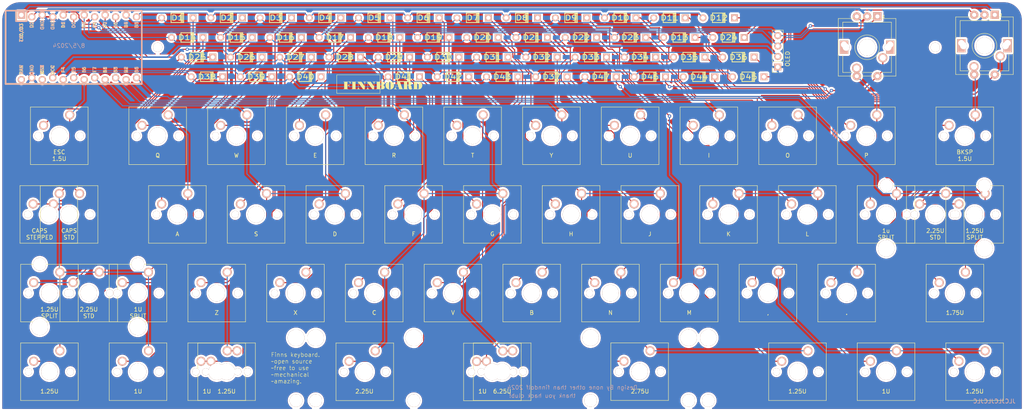
<source format=kicad_pcb>
(kicad_pcb (version 20240108) (generator "pcbnew") (generator_version "8.0")
  (layers (0 "F.Cu" signal) (31 "B.Cu" signal) (34 "B.Paste" user) (35 "F.Paste" user) (36 "B.SilkS" user "B.Silkscreen") (37 "F.SilkS" user "F.Silkscreen") (38 "B.Mask" user) (39 "F.Mask" user) (44 "Edge.Cuts" user))
  (net 0 "")
  (gr_poly (pts (xy 169.373 32.5995) (xy 167.722 32.5995) (xy 167.722 34.2505) (xy 169.373 34.2505)) (fill solid) (layer "F.Cu"))
  (gr_poly (pts (xy 213.3375 39.7375) (xy 211.6375 39.7375) (xy 211.6375 41.4375) (xy 213.3375 41.4375)) (fill solid) (layer "F.Cu"))
  (gr_poly (pts (xy 114.00605 55.30446) (xy 114.06288 55.34701) (xy 114.07842 55.3743) (xy 114.12549 55.48792) (xy 114.12738 55.4925) (xy 114.25967 55.70838) (xy 114.26288 55.71213) (xy 114.26288 55.71214) (xy 114.2844 55.73733) (xy 114.31344 55.80212) (xy 114.30283 55.87232) (xy 114.25596 55.92565) (xy 114.19925 55.94471) (xy 114.16828 55.94734) (xy 114.07059 55.95563) (xy 114.06528 55.95608) (xy 114.06013 55.95742) (xy 114.06012 55.95742) (xy 113.86163 56.00894) (xy 113.79067 56.00669) (xy 113.73219 55.96643) (xy 113.70476 55.90095) (xy 113.70398 55.88698) (xy 113.70398 55.55455) (xy 113.72398 55.48643) (xy 113.74088 55.46546) (xy 113.87292 55.33342) (xy 113.93523 55.2994)) (fill solid) (layer "F.Cu"))
  (gr_circle (center 253.2275 71.32) (end 254.3275 71.32) (fill solid) (layer "F.Cu"))
  (gr_poly (pts (xy 88.36812 43.6305) (xy 88.41461 43.68416) (xy 88.426 43.7365) (xy 88.426 43.84863) (xy 88.43276 43.91082) (xy 88.48389 44.04721) (xy 88.57124 44.16376) (xy 88.6878 44.25112) (xy 88.82418 44.30225) (xy 88.88637 44.309) (xy 90.15051 44.309) (xy 90.21863 44.329) (xy 90.26513 44.38266) (xy 90.27651 44.435) (xy 90.27651 46.17151) (xy 90.25651 46.23963) (xy 90.23961 46.26061) (xy 88.76791 47.7323) (xy 88.75959 47.73987) (xy 88.75309 47.74399) (xy 88.74161 47.75622) (xy 88.70631 47.79381) (xy 88.70356 47.79665) (xy 88.68376 47.81645) (xy 88.68133 47.81958) (xy 88.68133 47.81959) (xy 88.68126 47.81967) (xy 88.67355 47.8287) (xy 88.64318 47.86104) (xy 88.63936 47.86798) (xy 88.63936 47.86799) (xy 88.63338 47.87888) (xy 88.62252 47.89539) (xy 88.61005 47.91148) (xy 88.59242 47.95221) (xy 88.5872 47.96286) (xy 88.56583 48.00174) (xy 88.56386 48.00942) (xy 88.56077 48.02146) (xy 88.55436 48.04016) (xy 88.54628 48.05884) (xy 88.54504 48.06666) (xy 88.53934 48.10267) (xy 88.53693 48.11429) (xy 88.5259 48.15726) (xy 88.5259 48.17761) (xy 88.52435 48.19732) (xy 88.5229 48.20643) (xy 88.52116 48.21743) (xy 88.52191 48.22532) (xy 88.52534 48.2616) (xy 88.5259 48.27346) (xy 88.5259 49.82208) (xy 88.5059 49.8902) (xy 88.48899 49.91117) (xy 85.3919 53.00827) (xy 85.32959 53.04229) (xy 85.25877 53.03723) (xy 85.20194 52.99468) (xy 85.17713 52.92816) (xy 85.1864 52.87095) (xy 85.24761 52.72316) (xy 85.24951 52.71859) (xy 85.28929 52.55287) (xy 85.30745 52.47722) (xy 85.30746 52.47721) (xy 85.30861 52.4724) (xy 85.32847 52.22) (xy 85.30861 51.9676) (xy 85.30641 51.95843) (xy 85.26124 51.77027) (xy 85.24951 51.72141) (xy 85.24761 51.71684) (xy 85.15451 51.49207) (xy 85.15262 51.4875) (xy 85.02033 51.27162) (xy 84.8559 51.0791) (xy 84.66338 50.91467) (xy 84.4475 50.78238) (xy 84.44293 50.78049) (xy 84.21816 50.68739) (xy 84.21359 50.6855) (xy 84.10306 50.65896) (xy 83.97222 50.62755) (xy 83.97221 50.62755) (xy 83.9674 50.62639) (xy 83.715 50.60653) (xy 83.4626 50.62639) (xy 83.45779 50.62755) (xy 83.45778 50.62755) (xy 83.32694 50.65896) (xy 83.21641 50.6855) (xy 83.21184 50.68739) (xy 82.98707 50.78049) (xy 82.9825 50.78238) (xy 82.76662 50.91467) (xy 82.5741 51.0791) (xy 82.40967 51.27162) (xy 82.27738 51.4875) (xy 82.27549 51.49207) (xy 82.18239 51.71684) (xy 82.1805 51.72141) (xy 82.16876 51.77027) (xy 82.12359 51.95843) (xy 82.12139 51.9676) (xy 82.10153 52.22) (xy 82.12139 52.4724) (xy 82.12255 52.47721) (xy 82.12255 52.47722) (xy 82.14071 52.55287) (xy 82.1805 52.71859) (xy 82.18239 52.72316) (xy 82.27394 52.94419) (xy 82.27738 52.9525) (xy 82.40967 53.16838) (xy 82.5741 53.3609) (xy 82.76662 53.52533) (xy 82.9825 53.65762) (xy 82.98707 53.65951) (xy 83.21184 53.75261) (xy 83.21641 53.75451) (xy 83.29357 53.77303) (xy 83.45778 53.81245) (xy 83.45779 53.81246) (xy 83.4626 53.81361) (xy 83.715 53.83347) (xy 83.9674 53.81361) (xy 83.97221 53.81246) (xy 83.97222 53.81245) (xy 84.13643 53.77303) (xy 84.21359 53.75451) (xy 84.21857 53.75244) (xy 84.36595 53.6914) (xy 84.43654 53.68381) (xy 84.50003 53.71559) (xy 84.53626 53.77664) (xy 84.53372 53.8476) (xy 84.50327 53.8969) (xy 84.31257 54.0876) (xy 84.25026 54.12162) (xy 84.22347 54.1245) (xy 78.92699 54.1245) (xy 78.85887 54.1045) (xy 78.81058 54.04672) (xy 78.80451 54.03208) (xy 78.80451 54.03207) (xy 78.80262 54.0275) (xy 78.67033 53.81162) (xy 78.5059 53.6191) (xy 78.31338 53.45467) (xy 78.0975 53.32238) (xy 78.09293 53.32049) (xy 78.0005 53.28221) (xy 77.9793 53.27342) (xy 77.92402 53.22888) (xy 77.9016 53.16151) (xy 77.91916 53.09272) (xy 77.93842 53.06792) (xy 87.35894 43.64741) (xy 87.42125 43.61338) (xy 87.44803 43.6105) (xy 88.3 43.6105)) (fill solid) (layer "F.Cu"))
  (gr_circle (center 262.7775 71.32) (end 263.8775 71.32) (fill solid) (layer "F.Cu"))
  (gr_circle (center 113.1775 33.425) (end 114.003 33.425) (fill solid) (layer "F.Cu"))
  (gr_circle (center 194.3525 28.65) (end 195.178 28.65) (fill solid) (layer "F.Cu"))
  (gr_poly (pts (xy 150.55101 49.75672) (xy 150.60785 49.79926) (xy 150.63266 49.86578) (xy 150.63298 49.87477) (xy 150.63298 56.61099) (xy 150.61298 56.67912) (xy 150.55932 56.72561) (xy 150.48905 56.73571) (xy 150.42447 56.70622) (xy 150.41788 56.70009) (xy 149.4014 55.68361) (xy 149.36738 55.6213) (xy 149.3645 55.59451) (xy 149.3645 50.89125) (xy 149.3845 50.82313) (xy 149.4014 50.80216) (xy 150.41788 49.78568) (xy 150.4802 49.75165)) (fill solid) (layer "F.Cu"))
  (gr_poly (pts (xy 88.89745 51.40435) (xy 88.95429 51.44689) (xy 88.9791 51.51341) (xy 88.97942 51.5224) (xy 88.97942 66.14418) (xy 88.95942 66.2123) (xy 88.90346 66.25982) (xy 88.90322 66.25992) (xy 88.89561 66.26213) (xy 88.88878 66.26617) (xy 88.87809 66.27249) (xy 88.86034 66.28119) (xy 88.84879 66.28576) (xy 88.84878 66.28577) (xy 88.84141 66.28868) (xy 88.835 66.29334) (xy 88.80551 66.31476) (xy 88.79559 66.32128) (xy 88.76423 66.33983) (xy 88.7574 66.34387) (xy 88.74302 66.35825) (xy 88.72798 66.37109) (xy 88.71151 66.38306) (xy 88.68683 66.41289) (xy 88.68322 66.41726) (xy 88.67523 66.42604) (xy 82.79513 72.30614) (xy 82.73281 72.34017) (xy 82.65782 72.33346) (xy 82.64317 72.32739) (xy 82.63859 72.3255) (xy 82.54229 72.30238) (xy 82.39722 72.26755) (xy 82.39721 72.26755) (xy 82.3924 72.26639) (xy 82.14 72.24653) (xy 81.8876 72.26639) (xy 81.88279 72.26755) (xy 81.88278 72.26755) (xy 81.73771 72.30238) (xy 81.64141 72.3255) (xy 81.63684 72.32739) (xy 81.41207 72.42049) (xy 81.4075 72.42238) (xy 81.19162 72.55467) (xy 80.9991 72.7191) (xy 80.83467 72.91162) (xy 80.70238 73.1275) (xy 80.70049 73.13207) (xy 80.61346 73.34218) (xy 80.6055 73.36141) (xy 80.60434 73.36622) (xy 80.54862 73.59832) (xy 80.54639 73.6076) (xy 80.52653 73.86) (xy 80.54639 74.1124) (xy 80.54755 74.11721) (xy 80.54755 74.11722) (xy 80.56681 74.19744) (xy 80.6055 74.35859) (xy 80.60739 74.36316) (xy 80.70049 74.58792) (xy 80.70238 74.5925) (xy 80.83467 74.80838) (xy 80.83788 74.81213) (xy 80.83788 74.81214) (xy 80.8594 74.83733) (xy 80.88844 74.90212) (xy 80.87783 74.97232) (xy 80.83096 75.02565) (xy 80.77425 75.04471) (xy 80.74328 75.04734) (xy 80.64559 75.05563) (xy 80.64028 75.05608) (xy 80.63513 75.05742) (xy 80.63512 75.05742) (xy 80.4223 75.11266) (xy 80.42229 75.11266) (xy 80.41713 75.114) (xy 80.41226 75.11619) (xy 80.30399 75.16497) (xy 80.20693 75.20869) (xy 80.01568 75.33744) (xy 80.01182 75.34112) (xy 79.97316 75.378) (xy 79.84887 75.49658) (xy 79.71125 75.68154) (xy 79.60676 75.88705) (xy 79.60518 75.89215) (xy 79.54925 76.07226) (xy 79.53839 76.10723) (xy 79.53769 76.11252) (xy 79.5223 76.22862) (xy 79.5081 76.33577) (xy 79.5083 76.3411) (xy 79.5083 76.34111) (xy 79.50939 76.37013) (xy 79.51675 76.56616) (xy 79.56409 76.79179) (xy 79.64878 77.00622) (xy 79.76838 77.20332) (xy 79.77187 77.20735) (xy 79.85844 77.3071) (xy 79.91948 77.37745) (xy 79.92361 77.38083) (xy 80.09363 77.52024) (xy 80.09776 77.52362) (xy 80.10239 77.52626) (xy 80.10239 77.52627) (xy 80.21142 77.58833) (xy 80.29811 77.63768) (xy 80.51483 77.71634) (xy 80.52007 77.71729) (xy 80.52008 77.71729) (xy 80.73761 77.75662) (xy 80.73762 77.75662) (xy 80.74169 77.75736) (xy 80.75941 77.7582) (xy 80.76436 77.75843) (xy 80.76584 77.7585) (xy 80.92789 77.7585) (xy 80.99481 77.75282) (xy 81.09441 77.74437) (xy 81.09972 77.74392) (xy 81.10488 77.74258) (xy 81.3177 77.68734) (xy 81.31771 77.68734) (xy 81.32287 77.686) (xy 81.32774 77.68381) (xy 81.5282 77.59351) (xy 81.53308 77.59131) (xy 81.72432 77.46256) (xy 81.75966 77.42884) (xy 81.8182 77.373) (xy 81.89114 77.30342) (xy 82.02875 77.11846) (xy 82.04145 77.09349) (xy 82.13082 76.9177) (xy 82.13324 76.91295) (xy 82.14627 76.87098) (xy 82.20002 76.69787) (xy 82.20161 76.69277) (xy 82.21595 76.58457) (xy 82.2312 76.46951) (xy 82.2319 76.46423) (xy 82.22325 76.23384) (xy 82.17591 76.00821) (xy 82.12618 75.8823) (xy 82.09319 75.79874) (xy 82.09318 75.79874) (xy 82.09122 75.79378) (xy 82.01226 75.66365) (xy 81.99402 75.59504) (xy 82.01577 75.52746) (xy 82.07061 75.48236) (xy 82.12986 75.47268) (xy 82.13506 75.47309) (xy 82.13507 75.47309) (xy 82.14 75.47347) (xy 82.3924 75.45361) (xy 82.39721 75.45246) (xy 82.39722 75.45245) (xy 82.55397 75.41482) (xy 82.63859 75.39451) (xy 82.64316 75.39261) (xy 82.86793 75.29951) (xy 82.8725 75.29762) (xy 83.08838 75.16533) (xy 83.2809 75.0009) (xy 83.44533 74.80838) (xy 83.57762 74.5925) (xy 83.57951 74.58792) (xy 83.67261 74.36316) (xy 83.67451 74.35859) (xy 83.71319 74.19744) (xy 83.73245 74.11722) (xy 83.73246 74.11721) (xy 83.73361 74.1124) (xy 83.75347 73.86) (xy 83.73361 73.6076) (xy 83.73138 73.59832) (xy 83.67566 73.36621) (xy 83.67451 73.36141) (xy 83.67262 73.35685) (xy 83.67261 73.35684) (xy 83.66654 73.34218) (xy 83.65896 73.27159) (xy 83.69386 73.20487) (xy 89.21784 67.68089) (xy 89.28015 67.64687) (xy 89.35097 67.65193) (xy 89.40781 67.69448) (xy 89.43262 67.761) (xy 89.43294 67.76999) (xy 89.43294 69.78635) (xy 89.41294 69.85447) (xy 89.35928 69.90096) (xy 89.28901 69.91107) (xy 89.2411 69.89378) (xy 89.22673 69.88497) (xy 89.22672 69.88497) (xy 89.2225 69.88238) (xy 89.21793 69.88049) (xy 88.99316 69.78739) (xy 88.98859 69.7855) (xy 88.87509 69.75825) (xy 88.74722 69.72755) (xy 88.74721 69.72755) (xy 88.7424 69.72639) (xy 88.49 69.70653) (xy 88.2376 69.72639) (xy 88.23279 69.72755) (xy 88.23278 69.72755) (xy 88.10491 69.75825) (xy 87.99141 69.7855) (xy 87.98684 69.78739) (xy 87.76207 69.88049) (xy 87.7575 69.88238) (xy 87.54162 70.01467) (xy 87.46337 70.08151) (xy 87.36723 70.16362) (xy 87.3491 70.1791) (xy 87.18467 70.37162) (xy 87.05238 70.5875) (xy 87.05049 70.59207) (xy 86.95739 70.81684) (xy 86.9555 70.82141) (xy 86.95434 70.82622) (xy 86.90026 71.05149) (xy 86.89639 71.0676) (xy 86.87653 71.32) (xy 86.89639 71.5724) (xy 86.9555 71.81859) (xy 86.95739 71.82316) (xy 87.00342 71.9343) (xy 87.05238 72.0525) (xy 87.18467 72.26838) (xy 87.3491 72.4609) (xy 87.54162 72.62533) (xy 87.7575 72.75762) (xy 87.76207 72.75951) (xy 87.76208 72.75951) (xy 87.77872 72.76641) (xy 87.834 72.81096) (xy 87.8565 72.88282) (xy 87.8565 74.45381) (xy 87.8365 74.52193) (xy 87.78284 74.56842) (xy 87.71257 74.57853) (xy 87.65018 74.55089) (xy 87.47483 74.40583) (xy 87.42738 74.36657) (xy 87.16087 74.19744) (xy 87.15729 74.19575) (xy 87.15728 74.19575) (xy 86.87886 74.06473) (xy 86.87885 74.06473) (xy 86.87527 74.06304) (xy 86.84351 74.05272) (xy 86.68207 74.00027) (xy 86.57507 73.96551) (xy 86.26502 73.90636) (xy 86.02884 73.8915) (xy 85.87116 73.8915) (xy 85.63498 73.90636) (xy 85.32493 73.96551) (xy 85.21793 74.00027) (xy 85.0565 74.05272) (xy 85.02473 74.06304) (xy 85.02115 74.06473) (xy 85.02114 74.06473) (xy 84.74272 74.19575) (xy 84.74271 74.19575) (xy 84.73913 74.19744) (xy 84.47263 74.36657) (xy 84.42517 74.40583) (xy 84.31677 74.4955) (xy 84.22942 74.56777) (xy 84.2267 74.57066) (xy 84.20898 74.58953) (xy 84.01335 74.79786) (xy 83.82782 75.05322) (xy 83.82591 75.05669) (xy 83.69346 75.29762) (xy 83.67575 75.32982) (xy 83.6743 75.33349) (xy 83.6743 75.3335) (xy 83.57195 75.59201) (xy 83.55956 75.6233) (xy 83.48106 75.92903) (xy 83.4415 76.24218) (xy 83.4415 76.55782) (xy 83.48106 76.87098) (xy 83.55956 77.1767) (xy 83.56101 77.18037) (xy 83.67378 77.4652) (xy 83.67575 77.47018) (xy 83.67766 77.47365) (xy 83.8116 77.71729) (xy 83.82782 77.74678) (xy 84.01335 78.00214) (xy 84.14898 78.14657) (xy 84.21896 78.2211) (xy 84.22942 78.23223) (xy 84.47263 78.43343) (xy 84.73913 78.60256) (xy 84.74271 78.60425) (xy 84.74272 78.60425) (xy 85.02114 78.73527) (xy 85.02115 78.73527) (xy 85.02473 78.73696) (xy 85.32493 78.8345) (xy 85.63498 78.89364) (xy 85.87116 78.9085) (xy 86.02884 78.9085) (xy 86.26502 78.89364) (xy 86.57507 78.8345) (xy 86.87527 78.73696) (xy 86.87885 78.73527) (xy 86.87886 78.73527) (xy 87.15728 78.60425) (xy 87.15729 78.60425) (xy 87.16087 78.60256) (xy 87.42738 78.43343) (xy 87.52954 78.34891) (xy 87.65018 78.24911) (xy 87.71542 78.2211) (xy 87.78545 78.23281) (xy 87.83803 78.28051) (xy 87.8565 78.34619) (xy 87.8565 80.55541) (xy 87.8365 80.62353) (xy 87.8196 80.6445) (xy 79.59712 88.86697) (xy 79.53481 88.901) (xy 79.45981 88.89428) (xy 79.44316 88.88739) (xy 79.44315 88.88739) (xy 79.43859 88.8855) (xy 79.3976 88.87565) (xy 79.19722 88.82755) (xy 79.19721 88.82755) (xy 79.1924 88.82639) (xy 78.94 88.80653) (xy 78.6876 88.82639) (xy 78.68279 88.82755) (xy 78.68278 88.82755) (xy 78.55073 88.85925) (xy 78.44141 88.8855) (xy 78.43684 88.88739) (xy 78.21207 88.98049) (xy 78.2075 88.98238) (xy 77.99162 89.11467) (xy 77.7991 89.2791) (xy 77.63467 89.47162) (xy 77.50238 89.6875) (xy 77.50049 89.69207) (xy 77.42607 89.87173) (xy 77.4055 89.92141) (xy 77.39951 89.94635) (xy 77.35119 90.1476) (xy 77.34639 90.1676) (xy 77.32653 90.42) (xy 77.34639 90.6724) (xy 77.4055 90.91859) (xy 77.40739 90.92316) (xy 77.49585 91.13672) (xy 77.50238 91.1525) (xy 77.63467 91.36838) (xy 77.7991 91.5609) (xy 77.99162 91.72533) (xy 78.2075 91.85762) (xy 78.21207 91.85951) (xy 78.43684 91.95261) (xy 78.44141 91.95451) (xy 78.50813 91.97052) (xy 78.68278 92.01245) (xy 78.68279 92.01246) (xy 78.6876 92.01361) (xy 78.69253 92.014) (xy 78.69254 92.014) (xy 78.69329 92.01406) (xy 78.69356 92.01416) (xy 78.69742 92.01477) (xy 78.69729 92.01558) (xy 78.75963 92.03934) (xy 78.80177 92.09647) (xy 78.80634 92.16732) (xy 78.7725 92.22876) (xy 78.71367 92.2876) (xy 78.65136 92.32162) (xy 78.62458 92.3245) (xy 74.15199 92.3245) (xy 74.08387 92.3045) (xy 74.03558 92.24672) (xy 74.02951 92.23208) (xy 74.02951 92.23207) (xy 74.02762 92.2275) (xy 73.89533 92.01162) (xy 73.7309 91.8191) (xy 73.53838 91.65467) (xy 73.3225 91.52238) (xy 73.31793 91.52049) (xy 73.09316 91.42739) (xy 73.08859 91.4255) (xy 72.99229 91.40238) (xy 72.84722 91.36755) (xy 72.84721 91.36755) (xy 72.8424 91.36639) (xy 72.59 91.34653) (xy 72.3376 91.36639) (xy 72.33279 91.36755) (xy 72.33278 91.36755) (xy 72.18771 91.40238) (xy 72.09141 91.4255) (xy 72.08684 91.42739) (xy 71.86207 91.52049) (xy 71.8575 91.52238) (xy 71.64162 91.65467) (xy 71.6209 91.67237) (xy 71.54681 91.73565) (xy 71.48202 91.76468) (xy 71.41182 91.75408) (xy 71.3585 91.7072) (xy 71.33898 91.63984) (xy 71.33898 77.81051) (xy 71.35898 77.74239) (xy 71.41264 77.6959) (xy 71.48291 77.68579) (xy 71.50797 77.69207) (xy 71.57483 77.71634) (xy 71.58007 77.71729) (xy 71.58008 77.71729) (xy 71.79761 77.75662) (xy 71.79762 77.75662) (xy 71.80169 77.75736) (xy 71.81941 77.7582) (xy 71.82436 77.75843) (xy 71.82584 77.7585) (xy 71.98789 77.7585) (xy 72.05481 77.75282) (xy 72.15441 77.74437) (xy 72.15972 77.74392) (xy 72.16488 77.74258) (xy 72.3777 77.68734) (xy 72.37771 77.68734) (xy 72.38287 77.686) (xy 72.38774 77.68381) (xy 72.5882 77.59351) (xy 72.59308 77.59131) (xy 72.78432 77.46256) (xy 72.81966 77.42884) (xy 72.8782 77.373) (xy 72.95114 77.30342) (xy 73.08875 77.11846) (xy 73.10145 77.09349) (xy 73.19082 76.9177) (xy 73.19324 76.91295) (xy 73.20627 76.87098) (xy 73.26002 76.69787) (xy 73.26161 76.69277) (xy 73.27595 76.58457) (xy 73.2912 76.46951) (xy 73.2919 76.46423) (xy 73.28325 76.23384) (xy 73.23591 76.00821) (xy 73.18618 75.8823) (xy 73.15319 75.79874) (xy 73.15318 75.79874) (xy 73.15122 75.79378) (xy 73.03162 75.59668) (xy 72.96113 75.51545) (xy 72.88402 75.42659) (xy 72.88052 75.42256) (xy 72.81522 75.36901) (xy 72.70637 75.27976) (xy 72.70225 75.27638) (xy 72.69761 75.27374) (xy 72.5117 75.16791) (xy 72.50189 75.16233) (xy 72.28518 75.08366) (xy 72.27993 75.08271) (xy 72.27992 75.08271) (xy 72.06239 75.04338) (xy 72.05831 75.04264) (xy 72.04059 75.0418) (xy 72.03564 75.04157) (xy 72.03416 75.0415) (xy 71.87211 75.0415) (xy 71.80328 75.04734) (xy 71.73372 75.03317) (xy 71.68285 74.98364) (xy 71.66684 74.91447) (xy 71.69077 74.84763) (xy 71.70354 74.8327) (xy 72.01848 74.51776) (xy 72.0268 74.51018) (xy 72.0333 74.50605) (xy 72.04116 74.49769) (xy 72.0801 74.45622) (xy 72.08286 74.45338) (xy 72.10264 74.43359) (xy 72.10513 74.43038) (xy 72.11284 74.42136) (xy 72.14322 74.38901) (xy 72.15302 74.37117) (xy 72.16388 74.35465) (xy 72.17149 74.34483) (xy 72.17635 74.33857) (xy 72.19397 74.29785) (xy 72.19919 74.28719) (xy 72.21675 74.25525) (xy 72.22057 74.2483) (xy 72.22254 74.24063) (xy 72.22254 74.24062) (xy 72.22563 74.22859) (xy 72.23204 74.20988) (xy 72.23697 74.19849) (xy 72.24012 74.19121) (xy 72.24706 74.14737) (xy 72.24947 74.13575) (xy 72.2605 74.09278) (xy 72.2605 74.07244) (xy 72.26205 74.05272) (xy 72.264 74.04045) (xy 72.26524 74.03262) (xy 72.26106 73.98844) (xy 72.2605 73.97659) (xy 72.2605 58.79803) (xy 72.2805 58.72991) (xy 72.29741 58.70894) (xy 75.67292 55.33342) (xy 75.73523 55.2994) (xy 75.80605 55.30446) (xy 75.86288 55.34701) (xy 75.87842 55.3743) (xy 75.88802 55.39746) (xy 75.92549 55.48792) (xy 75.92738 55.4925) (xy 76.05967 55.70838) (xy 76.06288 55.71213) (xy 76.06288 55.71214) (xy 76.0844 55.73733) (xy 76.11344 55.80212) (xy 76.10283 55.87232) (xy 76.05596 55.92565) (xy 75.99925 55.94471) (xy 75.96828 55.94734) (xy 75.87059 55.95563) (xy 75.86528 55.95608) (xy 75.86013 55.95742) (xy 75.86012 55.95742) (xy 75.6473 56.01266) (xy 75.64729 56.01266) (xy 75.64213 56.014) (xy 75.63726 56.01619) (xy 75.49037 56.08236) (xy 75.43193 56.10869) (xy 75.24068 56.23744) (xy 75.23682 56.24112) (xy 75.20561 56.2709) (xy 75.07387 56.39658) (xy 75.07068 56.40085) (xy 75.0215 56.46696) (xy 74.93625 56.58154) (xy 74.93383 56.58629) (xy 74.93383 56.5863) (xy 74.90566 56.64169) (xy 74.83176 56.78705) (xy 74.83018 56.79215) (xy 74.78001 56.95372) (xy 74.76339 57.00723) (xy 74.76269 57.01252) (xy 74.7338 57.23049) (xy 74.7331 57.23577) (xy 74.74175 57.46616) (xy 74.78909 57.69179) (xy 74.79105 57.69675) (xy 74.84782 57.8405) (xy 74.87378 57.90622) (xy 74.99338 58.10332) (xy 74.99687 58.10735) (xy 75.08344 58.2071) (xy 75.14448 58.27745) (xy 75.14861 58.28083) (xy 75.31863 58.42024) (xy 75.32276 58.42362) (xy 75.32739 58.42626) (xy 75.32739 58.42627) (xy 75.47782 58.51189) (xy 75.52311 58.53768) (xy 75.73983 58.61634) (xy 75.74507 58.61729) (xy 75.74508 58.61729) (xy 75.96261 58.65662) (xy 75.96262 58.65662) (xy 75.96669 58.65736) (xy 75.98441 58.6582) (xy 75.98936 58.65843) (xy 75.99084 58.6585) (xy 76.15289 58.6585) (xy 76.21981 58.65282) (xy 76.31941 58.64437) (xy 76.32472 58.64392) (xy 76.32988 58.64258) (xy 76.5427 58.58734) (xy 76.54271 58.58734) (xy 76.54787 58.586) (xy 76.55274 58.58381) (xy 76.7532 58.49351) (xy 76.75808 58.49131) (xy 76.94932 58.36256) (xy 77.11614 58.20342) (xy 77.25375 58.01846) (xy 77.35824 57.81295) (xy 77.37127 57.77098) (xy 77.42502 57.59787) (xy 77.42661 57.59277) (xy 77.42731 57.58748) (xy 77.4562 57.36951) (xy 77.4569 57.36423) (xy 77.45442 57.29821) (xy 77.45188 57.23049) (xy 77.44825 57.13384) (xy 77.40091 56.90821) (xy 77.39836 56.90175) (xy 77.31819 56.69874) (xy 77.31818 56.69874) (xy 77.31622 56.69378) (xy 77.3068 56.67824) (xy 77.27376 56.62379) (xy 77.23726 56.56365) (xy 77.21902 56.49504) (xy 77.24077 56.42746) (xy 77.29561 56.38236) (xy 77.35486 56.37268) (xy 77.36006 56.37309) (xy 77.36007 56.37309) (xy 77.365 56.37347) (xy 77.6174 56.35361) (xy 77.62221 56.35246) (xy 77.62222 56.35245) (xy 77.79687 56.31052) (xy 77.86359 56.29451) (xy 77.90858 56.27587) (xy 78.09293 56.19951) (xy 78.0975 56.19762) (xy 78.31338 56.06533) (xy 78.5059 55.9009) (xy 78.67033 55.70838) (xy 78.80262 55.4925) (xy 78.80451 55.48793) (xy 78.80451 55.48792) (xy 78.81058 55.47328) (xy 78.85512 55.418) (xy 78.92699 55.3955) (xy 79.23111 55.3955) (xy 79.29923 55.4155) (xy 79.34573 55.46916) (xy 79.35583 55.53943) (xy 79.32296 55.60775) (xy 79.2685 55.66575) (xy 79.23835 55.69786) (xy 79.05282 55.95322) (xy 79.05091 55.95669) (xy 78.9032 56.22536) (xy 78.90075 56.22982) (xy 78.8993 56.23349) (xy 78.8993 56.2335) (xy 78.79885 56.48721) (xy 78.78456 56.5233) (xy 78.70606 56.82903) (xy 78.6665 57.14218) (xy 78.6665 57.45782) (xy 78.70606 57.77098) (xy 78.78456 58.0767) (xy 78.78601 58.08037) (xy 78.89628 58.35888) (xy 78.90075 58.37018) (xy 78.90266 58.37365) (xy 79.0403 58.62402) (xy 79.05282 58.64678) (xy 79.23835 58.90214) (xy 79.36626 59.03835) (xy 79.44396 59.1211) (xy 79.45442 59.13223) (xy 79.45747 59.13476) (xy 79.51278 59.18051) (xy 79.69763 59.33343) (xy 79.96413 59.50256) (xy 79.96771 59.50425) (xy 79.96772 59.50425) (xy 80.24614 59.63527) (xy 80.24615 59.63527) (xy 80.24973 59.63696) (xy 80.25351 59.63818) (xy 80.25754 59.63949) (xy 80.54993 59.7345) (xy 80.85998 59.79364) (xy 81.09616 59.8085) (xy 81.25384 59.8085) (xy 81.49002 59.79364) (xy 81.80007 59.7345) (xy 82.09246 59.63949) (xy 82.09649 59.63818) (xy 82.10027 59.63696) (xy 82.10385 59.63527) (xy 82.10386 59.63527) (xy 82.38228 59.50425) (xy 82.38229 59.50425) (xy 82.38587 59.50256) (xy 82.65238 59.33343) (xy 82.83722 59.18051) (xy 82.89253 59.13476) (xy 82.89558 59.13223) (xy 82.90604 59.1211) (xy 82.98375 59.03835) (xy 83.11165 58.90214) (xy 83.29718 58.64678) (xy 83.3097 58.62402) (xy 83.44734 58.37365) (xy 83.44925 58.37018) (xy 83.45372 58.35888) (xy 83.56399 58.08037) (xy 83.56544 58.0767) (xy 83.64394 57.77098) (xy 83.6835 57.45782) (xy 83.6835 57.23577) (xy 84.8931 57.23577) (xy 84.90175 57.46616) (xy 84.94909 57.69179) (xy 84.95105 57.69675) (xy 85.00782 57.8405) (xy 85.03378 57.90622) (xy 85.15338 58.10332) (xy 85.15687 58.10735) (xy 85.24344 58.2071) (xy 85.30448 58.27745) (xy 85.30861 58.28083) (xy 85.47863 58.42024) (xy 85.48276 58.42362) (xy 85.48739 58.42626) (xy 85.48739 58.42627) (xy 85.63782 58.51189) (xy 85.68311 58.53768) (xy 85.89983 58.61634) (xy 85.90507 58.61729) (xy 85.90508 58.61729) (xy 86.12261 58.65662) (xy 86.12262 58.65662) (xy 86.12669 58.65736) (xy 86.14441 58.6582) (xy 86.14936 58.65843) (xy 86.15084 58.6585) (xy 86.31289 58.6585) (xy 86.37981 58.65282) (xy 86.47941 58.64437) (xy 86.48472 58.64392) (xy 86.48988 58.64258) (xy 86.7027 58.58734) (xy 86.70271 58.58734) (xy 86.70787 58.586) (xy 86.71274 58.58381) (xy 86.9132 58.49351) (xy 86.91808 58.49131) (xy 87.10932 58.36256) (xy 87.27614 58.20342) (xy 87.41375 58.01846) (xy 87.51824 57.81295) (xy 87.53127 57.77098) (xy 87.58502 57.59787) (xy 87.58661 57.59277) (xy 87.58731 57.58748) (xy 87.6162 57.36951) (xy 87.6169 57.36423) (xy 87.61442 57.29821) (xy 87.61188 57.23049) (xy 87.60825 57.13384) (xy 87.56091 56.90821) (xy 87.55836 56.90175) (xy 87.47819 56.69874) (xy 87.47818 56.69874) (xy 87.47622 56.69378) (xy 87.4668 56.67824) (xy 87.35939 56.50124) (xy 87.35662 56.49668) (xy 87.3484 56.48721) (xy 87.20902 56.32659) (xy 87.20552 56.32256) (xy 87.14859 56.27587) (xy 87.03137 56.17976) (xy 87.02725 56.17638) (xy 87.02261 56.17374) (xy 86.8367 56.06791) (xy 86.82689 56.06233) (xy 86.61018 55.98366) (xy 86.60493 55.98271) (xy 86.60492 55.98271) (xy 86.38739 55.94338) (xy 86.38331 55.94264) (xy 86.36559 55.9418) (xy 86.36064 55.94157) (xy 86.35916 55.9415) (xy 86.19711 55.9415) (xy 86.13019 55.94718) (xy 86.03059 55.95563) (xy 86.02528 55.95608) (xy 86.02013 55.95742) (xy 86.02012 55.95742) (xy 85.8073 56.01266) (xy 85.80729 56.01266) (xy 85.80213 56.014) (xy 85.79726 56.01619) (xy 85.65037 56.08236) (xy 85.59193 56.10869) (xy 85.40068 56.23744) (xy 85.39682 56.24112) (xy 85.36561 56.2709) (xy 85.23387 56.39658) (xy 85.23068 56.40085) (xy 85.1815 56.46696) (xy 85.09625 56.58154) (xy 85.09383 56.58629) (xy 85.09383 56.5863) (xy 85.06566 56.64169) (xy 84.99176 56.78705) (xy 84.99018 56.79215) (xy 84.94001 56.95372) (xy 84.92339 57.00723) (xy 84.92269 57.01252) (xy 84.8938 57.23049) (xy 84.8931 57.23577) (xy 83.6835 57.23577) (xy 83.6835 57.14218) (xy 83.64394 56.82903) (xy 83.56544 56.5233) (xy 83.55115 56.48721) (xy 83.4507 56.2335) (xy 83.4507 56.23349) (xy 83.44925 56.22982) (xy 83.4468 56.22536) (xy 83.29909 55.95669) (xy 83.29718 55.95322) (xy 83.11165 55.69786) (xy 83.0815 55.66575) (xy 83.02704 55.60775) (xy 82.99499 55.5444) (xy 83.00227 55.47378) (xy 83.04659 55.41831) (xy 83.11889 55.3955) (xy 84.45988 55.3955) (xy 84.47111 55.39603) (xy 84.47862 55.39771) (xy 84.54691 55.39556) (xy 84.55087 55.3955) (xy 84.57888 55.3955) (xy 84.58281 55.395) (xy 84.5829 55.39499) (xy 84.59475 55.39406) (xy 84.62457 55.39312) (xy 84.63118 55.39291) (xy 84.6391 55.39267) (xy 84.65865 55.38699) (xy 84.67801 55.38298) (xy 84.69034 55.38142) (xy 84.6982 55.38043) (xy 84.70556 55.37751) (xy 84.70557 55.37751) (xy 84.73945 55.36409) (xy 84.75068 55.36025) (xy 84.77433 55.35338) (xy 84.79329 55.34787) (xy 84.80012 55.34383) (xy 84.8108 55.33751) (xy 84.82856 55.32881) (xy 84.84011 55.32424) (xy 84.84012 55.32424) (xy 84.84749 55.32132) (xy 84.88339 55.29523) (xy 84.89331 55.28872) (xy 84.92467 55.27017) (xy 84.9315 55.26613) (xy 84.94588 55.25175) (xy 84.96091 55.23891) (xy 84.97097 55.2316) (xy 84.97738 55.22694) (xy 85.00568 55.19274) (xy 85.01366 55.18397) (xy 88.76432 51.43331) (xy 88.82663 51.39928)) (fill solid) (layer "F.Cu"))
  (gr_poly (pts (xy 42.79965 29.38935) (xy 42.8445 29.41823) (xy 43.61317 30.18691) (xy 43.6472 30.24922) (xy 43.64213 30.32003) (xy 43.59959 30.37687) (xy 43.53307 30.40168) (xy 43.52408 30.402) (xy 42.65542 30.402) (xy 42.5873 30.382) (xy 42.56633 30.3651) (xy 42.37741 30.17617) (xy 42.34338 30.11386) (xy 42.3405 30.08708) (xy 42.3405 29.73048) (xy 42.3605 29.66236) (xy 42.40781 29.62023) (xy 42.40742 29.61959) (xy 42.41078 29.61759) (xy 42.41107 29.61733) (xy 42.41651 29.61466) (xy 42.42071 29.61167) (xy 42.42072 29.61166) (xy 42.52222 29.53926) (xy 42.60189 29.48243) (xy 42.66647 29.41808) (xy 42.72884 29.38416)) (fill solid) (layer "F.Cu"))
  (gr_circle (center 47.17293 30.22141) (end 47.57293 30.22141) (fill solid) (layer "F.Cu"))
  (gr_poly (pts (xy 181.3105 32.5995) (xy 179.6595 32.5995) (xy 179.6595 34.2505) (xy 181.3105 34.2505)) (fill solid) (layer "F.Cu"))
  (gr_circle (center 127.5025 38.2) (end 128.328 38.2) (fill solid) (layer "F.Cu"))
  (gr_poly (pts (xy 50.50104 28.85104) (xy 50.5578 28.89369) (xy 50.57355 28.92161) (xy 50.60262 28.99321) (xy 50.62471 29.04762) (xy 50.6892 29.15285) (xy 50.72966 29.21888) (xy 50.74369 29.24177) (xy 50.89279 29.41389) (xy 51.06799 29.55935) (xy 51.07244 29.56195) (xy 51.07245 29.56195) (xy 51.11345 29.58591) (xy 51.1658 29.6165) (xy 51.16707 29.61725) (xy 51.21579 29.66889) (xy 51.2295 29.72604) (xy 51.2295 30.29848) (xy 51.22897 30.30971) (xy 51.22729 30.31722) (xy 51.22846 30.35427) (xy 51.22944 30.38551) (xy 51.2295 30.38947) (xy 51.2295 30.41748) (xy 51.23 30.42141) (xy 51.23001 30.4215) (xy 51.23094 30.43335) (xy 51.23234 30.47771) (xy 51.23801 30.49725) (xy 51.24202 30.51661) (xy 51.24457 30.5368) (xy 51.24749 30.54416) (xy 51.24749 30.54417) (xy 51.26091 30.57806) (xy 51.26475 30.58929) (xy 51.26787 30.6) (xy 51.27713 30.63189) (xy 51.28117 30.63872) (xy 51.28749 30.64941) (xy 51.29619 30.66716) (xy 51.30076 30.67872) (xy 51.30077 30.67872) (xy 51.30368 30.68609) (xy 51.30834 30.6925) (xy 51.32976 30.72199) (xy 51.33628 30.73191) (xy 51.35483 30.76327) (xy 51.35887 30.7701) (xy 51.37325 30.78448) (xy 51.38609 30.79952) (xy 51.39806 30.81599) (xy 51.40417 30.82104) (xy 51.43226 30.84428) (xy 51.44104 30.85227) (xy 58.76367 38.17491) (xy 58.7977 38.23722) (xy 58.79263 38.30803) (xy 58.75009 38.36487) (xy 58.68357 38.38968) (xy 58.67458 38.39) (xy 58.44092 38.39) (xy 58.3728 38.37) (xy 58.35183 38.3531) (xy 49.99741 29.99867) (xy 49.96338 29.93636) (xy 49.9605 29.90958) (xy 49.9605 29.27328) (xy 49.9805 29.20516) (xy 50.02781 29.16303) (xy 50.02742 29.16239) (xy 50.03078 29.16039) (xy 50.03107 29.16013) (xy 50.03651 29.15746) (xy 50.04071 29.15447) (xy 50.04072 29.15446) (xy 50.17334 29.05986) (xy 50.22189 29.02523) (xy 50.36787 28.87977) (xy 50.43024 28.84585)) (fill solid) (layer "F.Cu"))
  (gr_poly (pts (xy 131.173 27.8245) (xy 129.522 27.8245) (xy 129.522 29.4755) (xy 131.173 29.4755)) (fill solid) (layer "F.Cu"))
  (gr_poly (pts (xy 152.08253 69.30903) (xy 152.13937 69.35158) (xy 152.16418 69.4181) (xy 152.1645 69.42709) (xy 152.1645 88.83458) (xy 152.1445 88.9027) (xy 152.1276 88.92367) (xy 149.64513 91.40614) (xy 149.58281 91.44017) (xy 149.50782 91.43346) (xy 149.49317 91.42739) (xy 149.48859 91.4255) (xy 149.39229 91.40238) (xy 149.24722 91.36755) (xy 149.24721 91.36755) (xy 149.2424 91.36639) (xy 148.99 91.34653) (xy 148.7376 91.36639) (xy 148.73279 91.36755) (xy 148.73278 91.36755) (xy 148.58771 91.40238) (xy 148.49141 91.4255) (xy 148.48684 91.42739) (xy 148.26207 91.52049) (xy 148.2575 91.52238) (xy 148.04162 91.65467) (xy 147.8491 91.8191) (xy 147.68467 92.01162) (xy 147.55238 92.2275) (xy 147.55049 92.23207) (xy 147.46378 92.44141) (xy 147.4555 92.46141) (xy 147.45434 92.46622) (xy 147.39953 92.69454) (xy 147.39639 92.7076) (xy 147.37653 92.96) (xy 147.39639 93.2124) (xy 147.39755 93.21721) (xy 147.39755 93.21722) (xy 147.41681 93.29744) (xy 147.4555 93.45859) (xy 147.45739 93.46316) (xy 147.55049 93.68792) (xy 147.55238 93.6925) (xy 147.68467 93.90838) (xy 147.68788 93.91213) (xy 147.68788 93.91214) (xy 147.7094 93.93733) (xy 147.73844 94.00212) (xy 147.72783 94.07232) (xy 147.68096 94.12565) (xy 147.62425 94.14471) (xy 147.57935 94.14852) (xy 147.49559 94.15563) (xy 147.49028 94.15608) (xy 147.48513 94.15742) (xy 147.48512 94.15742) (xy 147.2723 94.21266) (xy 147.27229 94.21266) (xy 147.26713 94.214) (xy 147.26226 94.21619) (xy 147.15398 94.26497) (xy 147.05693 94.30869) (xy 146.92289 94.39893) (xy 146.85521 94.42038) (xy 146.78668 94.40184) (xy 146.73905 94.34918) (xy 146.72652 94.29441) (xy 146.72652 76.58457) (xy 146.74652 76.51645) (xy 146.80018 76.46996) (xy 146.87045 76.45985) (xy 146.93503 76.48935) (xy 146.97342 76.54907) (xy 146.97671 76.56499) (xy 146.97675 76.56616) (xy 147.02409 76.79179) (xy 147.10878 77.00622) (xy 147.22838 77.20332) (xy 147.23187 77.20735) (xy 147.31844 77.3071) (xy 147.37948 77.37745) (xy 147.38361 77.38083) (xy 147.55363 77.52024) (xy 147.55776 77.52362) (xy 147.56239 77.52626) (xy 147.56239 77.52627) (xy 147.67142 77.58833) (xy 147.75811 77.63768) (xy 147.97483 77.71634) (xy 147.98007 77.71729) (xy 147.98008 77.71729) (xy 148.19761 77.75662) (xy 148.19762 77.75662) (xy 148.20169 77.75736) (xy 148.21941 77.7582) (xy 148.22436 77.75843) (xy 148.22584 77.7585) (xy 148.38789 77.7585) (xy 148.45481 77.75282) (xy 148.55441 77.74437) (xy 148.55972 77.74392) (xy 148.56488 77.74258) (xy 148.7777 77.68734) (xy 148.77771 77.68734) (xy 148.78287 77.686) (xy 148.78774 77.68381) (xy 148.9882 77.59351) (xy 148.99308 77.59131) (xy 149.18432 77.46256) (xy 149.21966 77.42884) (xy 149.2782 77.373) (xy 149.35114 77.30342) (xy 149.48875 77.11846) (xy 149.50145 77.09349) (xy 149.59082 76.9177) (xy 149.59324 76.91295) (xy 149.60627 76.87098) (xy 149.66002 76.69787) (xy 149.66161 76.69277) (xy 149.67595 76.58457) (xy 149.6912 76.46951) (xy 149.6919 76.46423) (xy 149.68325 76.23384) (xy 149.63591 76.00821) (xy 149.58618 75.8823) (xy 149.55319 75.79874) (xy 149.55318 75.79874) (xy 149.55122 75.79378) (xy 149.43162 75.59668) (xy 149.36113 75.51545) (xy 149.28402 75.42659) (xy 149.28052 75.42256) (xy 149.21522 75.36901) (xy 149.10637 75.27976) (xy 149.10225 75.27638) (xy 149.09761 75.27374) (xy 148.9117 75.16791) (xy 148.90189 75.16233) (xy 148.68518 75.08366) (xy 148.67993 75.08271) (xy 148.67992 75.08271) (xy 148.46239 75.04338) (xy 148.45831 75.04264) (xy 148.44059 75.0418) (xy 148.43564 75.04157) (xy 148.43416 75.0415) (xy 148.27211 75.0415) (xy 148.20519 75.04718) (xy 148.10559 75.05563) (xy 148.10028 75.05608) (xy 148.09513 75.05742) (xy 148.09512 75.05742) (xy 147.8823 75.11266) (xy 147.88229 75.11266) (xy 147.87713 75.114) (xy 147.87226 75.11619) (xy 147.76399 75.16497) (xy 147.66693 75.20869) (xy 147.47568 75.33744) (xy 147.47182 75.34112) (xy 147.43316 75.378) (xy 147.30887 75.49658) (xy 147.17125 75.68154) (xy 147.06676 75.88705) (xy 147.06518 75.89215) (xy 147.00925 76.07226) (xy 146.99839 76.10723) (xy 146.99769 76.11252) (xy 146.97743 76.26541) (xy 146.94865 76.33031) (xy 146.88935 76.36935) (xy 146.81836 76.37013) (xy 146.75821 76.33241) (xy 146.72801 76.26816) (xy 146.72652 76.24885) (xy 146.72652 74.61307) (xy 146.74652 74.54495) (xy 146.76343 74.52398) (xy 151.94941 69.338) (xy 152.01172 69.30397)) (fill solid) (layer "F.Cu"))
  (gr_poly (pts (xy 76.43062 43.6305) (xy 76.47711 43.68416) (xy 76.4885 43.7365) (xy 76.4885 43.84863) (xy 76.49526 43.91082) (xy 76.54639 44.04721) (xy 76.63374 44.16376) (xy 76.7503 44.25112) (xy 76.88668 44.30225) (xy 76.94887 44.309) (xy 78.21301 44.309) (xy 78.28113 44.329) (xy 78.32763 44.38266) (xy 78.33901 44.435) (xy 78.33901 44.86007) (xy 78.31901 44.92819) (xy 78.30211 44.94916) (xy 69.16367 54.0876) (xy 69.10136 54.12162) (xy 69.07458 54.1245) (xy 59.82699 54.1245) (xy 59.75887 54.1045) (xy 59.71058 54.04672) (xy 59.70451 54.03208) (xy 59.70451 54.03207) (xy 59.70262 54.0275) (xy 59.57033 53.81162) (xy 59.4059 53.6191) (xy 59.21338 53.45467) (xy 59.11426 53.39393) (xy 59.06663 53.34129) (xy 59.05502 53.27124) (xy 59.08312 53.20605) (xy 59.14201 53.16639) (xy 59.18009 53.1605) (xy 62.21359 53.1605) (xy 62.22482 53.16103) (xy 62.23233 53.16271) (xy 62.30062 53.16056) (xy 62.30458 53.1605) (xy 62.33259 53.1605) (xy 62.33652 53.16) (xy 62.33661 53.15999) (xy 62.34846 53.15906) (xy 62.37828 53.15812) (xy 62.38489 53.15791) (xy 62.39281 53.15767) (xy 62.41236 53.15199) (xy 62.43172 53.14798) (xy 62.44405 53.14642) (xy 62.45191 53.14543) (xy 62.45927 53.14251) (xy 62.45928 53.14251) (xy 62.49316 53.12909) (xy 62.50439 53.12525) (xy 62.53159 53.11735) (xy 62.547 53.11287) (xy 62.55383 53.10883) (xy 62.56451 53.10251) (xy 62.58227 53.09381) (xy 62.59382 53.08924) (xy 62.59383 53.08924) (xy 62.6012 53.08632) (xy 62.60763 53.08165) (xy 62.62517 53.0689) (xy 62.6371 53.06023) (xy 62.64702 53.05372) (xy 62.67838 53.03517) (xy 62.68521 53.03113) (xy 62.69959 53.01675) (xy 62.71462 53.00391) (xy 62.72468 52.9966) (xy 62.7311 52.99194) (xy 62.75938 52.95775) (xy 62.76737 52.94897) (xy 62.92292 52.79342) (xy 62.98523 52.7594) (xy 63.05605 52.76446) (xy 63.11288 52.80701) (xy 63.12842 52.8343) (xy 63.17394 52.94419) (xy 63.17738 52.9525) (xy 63.30967 53.16838) (xy 63.4741 53.3609) (xy 63.66662 53.52533) (xy 63.8825 53.65762) (xy 63.88707 53.65951) (xy 64.11184 53.75261) (xy 64.11641 53.75451) (xy 64.19357 53.77303) (xy 64.35778 53.81245) (xy 64.35779 53.81246) (xy 64.3626 53.81361) (xy 64.615 53.83347) (xy 64.8674 53.81361) (xy 64.87221 53.81246) (xy 64.87222 53.81245) (xy 65.03643 53.77303) (xy 65.11359 53.75451) (xy 65.11816 53.75261) (xy 65.34293 53.65951) (xy 65.3475 53.65762) (xy 65.56338 53.52533) (xy 65.7559 53.3609) (xy 65.92033 53.16838) (xy 66.05262 52.9525) (xy 66.05606 52.94419) (xy 66.14761 52.72316) (xy 66.14951 52.71859) (xy 66.18929 52.55287) (xy 66.20745 52.47722) (xy 66.20746 52.47721) (xy 66.20861 52.4724) (xy 66.22847 52.22) (xy 66.20861 51.9676) (xy 66.20641 51.95843) (xy 66.16124 51.77027) (xy 66.14951 51.72141) (xy 66.14761 51.71684) (xy 66.05451 51.49207) (xy 66.05262 51.4875) (xy 65.92033 51.27162) (xy 65.7559 51.0791) (xy 65.56338 50.91467) (xy 65.3475 50.78238) (xy 65.34293 50.78049) (xy 65.26471 50.74809) (xy 65.2293 50.73342) (xy 65.17402 50.68888) (xy 65.1516 50.62151) (xy 65.16916 50.55272) (xy 65.18842 50.52792) (xy 72.06894 43.64741) (xy 72.13125 43.61338) (xy 72.15803 43.6105) (xy 76.3625 43.6105)) (fill solid) (layer "F.Cu"))
  (gr_poly (pts (xy 112.073 37.3745) (xy 110.422 37.3745) (xy 110.422 39.0255) (xy 112.073 39.0255)) (fill solid) (layer "F.Cu"))
  (gr_circle (center 256.4275 112.06) (end 257.5275 112.06) (fill solid) (layer "F.Cu"))
  (gr_poly (pts (xy 193.248 32.5995) (xy 191.597 32.5995) (xy 191.597 34.2505) (xy 193.248 34.2505)) (fill solid) (layer "F.Cu"))
  (gr_circle (center 70.2025 42.975) (end 71.028 42.975) (fill solid) (layer "F.Cu"))
  (gr_circle (center 81.3275 109.52) (end 82.4275 109.52) (fill solid) (layer "F.Cu"))
  (gr_circle (center 231.6554 28.3125) (end 232.6554 28.3125) (fill solid) (layer "F.Cu"))
  (gr_circle (center 246.8775 73.86) (end 247.9775 73.86) (fill solid) (layer "F.Cu"))
  (gr_circle (center 44.245 27.9639) (end 45.1213 27.9639) (fill solid) (layer "F.Cu"))
  (gr_poly (pts (xy 162.2105 42.1495) (xy 160.5595 42.1495) (xy 160.5595 43.8005) (xy 162.2105 43.8005)) (fill solid) (layer "F.Cu"))
  (gr_circle (center 212.4875 35.5075) (end 213.3375 35.5075) (fill solid) (layer "F.Cu"))
  (gr_poly (pts (xy 229.5554 34.2125) (xy 227.5554 34.2125) (xy 227.5554 37.4125) (xy 229.5554 37.4125)) (fill solid) (layer "F.Cu"))
  (gr_circle (center 262.7775 109.52) (end 263.8775 109.52) (fill solid) (layer "F.Cu"))
  (gr_poly (pts (xy 132.427 50.75905) (xy 132.43358 50.76518) (xy 134.61073 52.94233) (xy 134.64475 53.00464) (xy 134.63969 53.07545) (xy 134.59714 53.13229) (xy 134.53152 53.15703) (xy 134.4126 53.16639) (xy 134.40779 53.16755) (xy 134.40778 53.16755) (xy 134.2074 53.21565) (xy 134.16641 53.2255) (xy 134.16185 53.22738) (xy 134.16184 53.22739) (xy 134.14719 53.23346) (xy 134.0766 53.24105) (xy 134.00988 53.20614) (xy 132.25539 51.45166) (xy 132.22137 51.38935) (xy 132.21849 51.36257) (xy 132.21849 50.85428) (xy 132.23849 50.78616) (xy 132.29215 50.73966) (xy 132.36242 50.72956)) (fill solid) (layer "F.Cu"))
  (gr_poly (pts (xy 97.98568 27.41659) (xy 98.03217 27.47025) (xy 98.04228 27.54052) (xy 98.01278 27.6051) (xy 97.99855 27.61911) (xy 97.99625 27.62104) (xy 97.99175 27.62419) (xy 97.82669 27.78925) (xy 97.82354 27.79375) (xy 97.82353 27.79376) (xy 97.72817 27.92995) (xy 97.69281 27.98045) (xy 97.69049 27.98543) (xy 97.69048 27.98544) (xy 97.60445 28.16993) (xy 97.59416 28.192) (xy 97.59274 28.19731) (xy 97.54601 28.37171) (xy 97.53375 28.41747) (xy 97.5134 28.65) (xy 97.53375 28.88253) (xy 97.53517 28.88785) (xy 97.59171 29.09885) (xy 97.59416 29.108) (xy 97.59648 29.11298) (xy 97.69048 29.31456) (xy 97.69049 29.31457) (xy 97.69281 29.31955) (xy 97.69597 29.32406) (xy 97.81958 29.5006) (xy 97.82669 29.51075) (xy 97.99175 29.67581) (xy 97.99625 29.67896) (xy 97.99626 29.67897) (xy 98.17275 29.80255) (xy 98.18295 29.80969) (xy 98.18793 29.81201) (xy 98.18794 29.81202) (xy 98.38952 29.90602) (xy 98.3945 29.90834) (xy 98.39981 29.90976) (xy 98.61465 29.96733) (xy 98.61466 29.96733) (xy 98.61997 29.96875) (xy 98.8525 29.9891) (xy 99.08503 29.96875) (xy 99.09035 29.96733) (xy 99.30519 29.90976) (xy 99.3105 29.90834) (xy 99.31548 29.90602) (xy 99.51706 29.81202) (xy 99.51707 29.81201) (xy 99.52205 29.80969) (xy 99.53225 29.80255) (xy 99.70874 29.67897) (xy 99.70875 29.67896) (xy 99.71325 29.67581) (xy 99.87831 29.51075) (xy 99.88542 29.5006) (xy 100.00903 29.32406) (xy 100.00904 29.32406) (xy 100.01219 29.31955) (xy 100.01451 29.31457) (xy 100.01452 29.31456) (xy 100.10852 29.11298) (xy 100.11084 29.108) (xy 100.11329 29.09885) (xy 100.16983 28.88785) (xy 100.17125 28.88253) (xy 100.1916 28.65) (xy 100.17125 28.41747) (xy 100.15899 28.37171) (xy 100.11226 28.19731) (xy 100.11084 28.192) (xy 100.10055 28.16993) (xy 100.01452 27.98544) (xy 100.01451 27.98543) (xy 100.01219 27.98045) (xy 99.97683 27.92995) (xy 99.88147 27.79376) (xy 99.88146 27.79375) (xy 99.87831 27.78925) (xy 99.71325 27.62419) (xy 99.70875 27.62104) (xy 99.70645 27.61911) (xy 99.66712 27.56) (xy 99.666 27.48901) (xy 99.70343 27.42868) (xy 99.76754 27.39817) (xy 99.78744 27.39659) (xy 105.08441 27.39659) (xy 105.15253 27.41659) (xy 105.19903 27.47025) (xy 105.20913 27.54052) (xy 105.19695 27.57704) (xy 105.19639 27.5778) (xy 105.19324 27.5862) (xy 105.1809 27.61911) (xy 105.14526 27.71418) (xy 105.1385 27.77637) (xy 105.1385 29.03308) (xy 105.1185 29.1012) (xy 105.1016 29.12217) (xy 102.26404 31.95973) (xy 102.24576 31.97485) (xy 102.24546 31.97506) (xy 102.24545 31.97506) (xy 102.2389 31.97952) (xy 102.23365 31.98546) (xy 102.20163 32.02179) (xy 102.19621 32.02756) (xy 102.18486 32.03891) (xy 102.18244 32.04203) (xy 102.17501 32.0516) (xy 102.16997 32.0577) (xy 102.13271 32.09996) (xy 102.12911 32.10702) (xy 102.12895 32.10734) (xy 102.11624 32.12737) (xy 102.11115 32.13393) (xy 102.08875 32.18569) (xy 102.0854 32.19281) (xy 102.08482 32.19395) (xy 102.07695 32.20941) (xy 102.0282 32.26102) (xy 101.95928 32.27809) (xy 101.91025 32.26381) (xy 101.90955 32.26531) (xy 101.70298 32.16898) (xy 101.698 32.16666) (xy 101.69269 32.16524) (xy 101.47785 32.10767) (xy 101.47253 32.10625) (xy 101.24 32.0859) (xy 101.00747 32.10625) (xy 101.00216 32.10767) (xy 101.00215 32.10767) (xy 100.78731 32.16524) (xy 100.782 32.16666) (xy 100.77702 32.16898) (xy 100.57544 32.26298) (xy 100.57543 32.26299) (xy 100.57045 32.26531) (xy 100.56595 32.26847) (xy 100.56594 32.26847) (xy 100.38376 32.39603) (xy 100.38375 32.39604) (xy 100.37925 32.39919) (xy 100.21419 32.56425) (xy 100.08031 32.75545) (xy 100.07799 32.76043) (xy 100.07798 32.76044) (xy 99.99195 32.94493) (xy 99.98166 32.967) (xy 99.98024 32.97231) (xy 99.93208 33.15205) (xy 99.92125 33.19247) (xy 99.9009 33.425) (xy 99.92125 33.65753) (xy 99.92267 33.66285) (xy 99.97557 33.86027) (xy 99.98166 33.883) (xy 99.98398 33.88798) (xy 100.07798 34.08956) (xy 100.07799 34.08957) (xy 100.08031 34.09455) (xy 100.08347 34.09906) (xy 100.20722 34.27579) (xy 100.21419 34.28575) (xy 100.37925 34.45081) (xy 100.38375 34.45396) (xy 100.38376 34.45397) (xy 100.55787 34.57588) (xy 100.57045 34.58469) (xy 100.57543 34.58701) (xy 100.57544 34.58702) (xy 100.77702 34.68102) (xy 100.782 34.68334) (xy 100.78731 34.68476) (xy 101.00215 34.74233) (xy 101.00216 34.74233) (xy 101.00747 34.74375) (xy 101.24 34.7641) (xy 101.47253 34.74375) (xy 101.47785 34.74233) (xy 101.69269 34.68476) (xy 101.698 34.68334) (xy 101.70298 34.68102) (xy 101.90456 34.58702) (xy 101.90457 34.58701) (xy 101.90955 34.58469) (xy 101.92213 34.57588) (xy 102.09624 34.45397) (xy 102.09625 34.45396) (xy 102.10075 34.45081) (xy 102.26581 34.28575) (xy 102.27278 34.27579) (xy 102.39653 34.09906) (xy 102.39654 34.09906) (xy 102.39969 34.09455) (xy 102.40201 34.08957) (xy 102.40202 34.08956) (xy 102.49602 33.88798) (xy 102.49834 33.883) (xy 102.50443 33.86027) (xy 102.55733 33.66285) (xy 102.55875 33.65753) (xy 102.56759 33.55655) (xy 102.59345 33.49043) (xy 102.65095 33.44879) (xy 102.72184 33.44485) (xy 102.7822 33.47844) (xy 103.44871 34.14494) (xy 104.10711 34.80334) (xy 104.14113 34.86565) (xy 104.14401 34.89243) (xy 104.14401 36.79313) (xy 104.12401 36.86125) (xy 104.07035 36.90775) (xy 104.00008 36.91785) (xy 103.9854 36.91484) (xy 103.86535 36.88267) (xy 103.86003 36.88125) (xy 103.6275 36.8609) (xy 103.39497 36.88125) (xy 103.38966 36.88267) (xy 103.38965 36.88267) (xy 103.17481 36.94024) (xy 103.1695 36.94166) (xy 103.16452 36.94398) (xy 102.96294 37.03798) (xy 102.96293 37.03799) (xy 102.95795 37.04031) (xy 102.95345 37.04347) (xy 102.95344 37.04347) (xy 102.77126 37.17103) (xy 102.77125 37.17104) (xy 102.76675 37.17419) (xy 102.60169 37.33925) (xy 102.59854 37.34375) (xy 102.59853 37.34376) (xy 102.47316 37.52282) (xy 102.46781 37.53045) (xy 102.46549 37.53543) (xy 102.46548 37.53544) (xy 102.37945 37.71993) (xy 102.36916 37.742) (xy 102.36774 37.74731) (xy 102.3213 37.92063) (xy 102.30875 37.96747) (xy 102.2884 38.2) (xy 102.30875 38.43253) (xy 102.31017 38.43785) (xy 102.35626 38.60986) (xy 102.36916 38.658) (xy 102.37148 38.66298) (xy 102.46548 38.86456) (xy 102.46549 38.86457) (xy 102.46781 38.86955) (xy 102.47097 38.87406) (xy 102.59704 39.05411) (xy 102.60169 39.06075) (xy 102.76675 39.22581) (xy 102.77125 39.22896) (xy 102.77126 39.22897) (xy 102.95344 39.35653) (xy 102.95795 39.35969) (xy 102.96294 39.36202) (xy 102.9677 39.36477) (xy 102.96648 39.36688) (xy 103.01202 39.40694) (xy 103.0315 39.47521) (xy 103.01099 39.54318) (xy 102.9946 39.56336) (xy 102.84502 39.71294) (xy 102.8367 39.72051) (xy 102.8302 39.72463) (xy 102.82478 39.73041) (xy 102.78342 39.77445) (xy 102.78067 39.77729) (xy 102.76087 39.79709) (xy 102.75844 39.80022) (xy 102.75843 39.80023) (xy 102.75837 39.80031) (xy 102.75066 39.80934) (xy 102.72029 39.84168) (xy 102.71647 39.84862) (xy 102.71647 39.84863) (xy 102.71048 39.85952) (xy 102.69963 39.87603) (xy 102.68716 39.89212) (xy 102.66953 39.93285) (xy 102.66431 39.9435) (xy 102.64294 39.98238) (xy 102.64097 39.99006) (xy 102.64096 39.99006) (xy 102.63787 40.0021) (xy 102.63147 40.0208) (xy 102.62339 40.03948) (xy 102.61964 40.06312) (xy 102.61645 40.08331) (xy 102.61404 40.09493) (xy 102.60301 40.1379) (xy 102.60301 40.15825) (xy 102.60145 40.17796) (xy 102.59827 40.19807) (xy 102.59902 40.20596) (xy 102.60245 40.24224) (xy 102.60301 40.2541) (xy 102.60301 41.515) (xy 102.583 41.58312) (xy 102.52935 41.62961) (xy 102.47701 41.641) (xy 100.82387 41.641) (xy 100.76168 41.64776) (xy 100.6253 41.69889) (xy 100.50874 41.78624) (xy 100.42139 41.9028) (xy 100.37026 42.03918) (xy 100.3635 42.10137) (xy 100.3635 43.35808) (xy 100.3435 43.4262) (xy 100.3266 43.44717) (xy 90.91903 52.85474) (xy 90.85672 52.88876) (xy 90.78591 52.8837) (xy 90.72907 52.84115) (xy 90.70426 52.77463) (xy 90.70394 52.76564) (xy 90.70394 48.92868) (xy 90.72394 48.86056) (xy 90.74084 48.83958) (xy 95.20751 44.37292) (xy 99.70348 39.87694) (xy 99.71181 39.86937) (xy 99.7183 39.86524) (xy 99.76509 39.81543) (xy 99.76784 39.81258) (xy 99.78764 39.79279) (xy 99.79006 39.78966) (xy 99.79007 39.78965) (xy 99.79014 39.78957) (xy 99.79785 39.78054) (xy 99.80895 39.76871) (xy 99.82822 39.7482) (xy 99.83204 39.74125) (xy 99.83802 39.73036) (xy 99.84888 39.71384) (xy 99.86135 39.69776) (xy 99.87898 39.65703) (xy 99.88419 39.64638) (xy 99.90175 39.61444) (xy 99.90343 39.61139) (xy 99.90557 39.60749) (xy 99.90647 39.60799) (xy 99.94576 39.55764) (xy 100.01923 39.534) (xy 100.18363 39.534) (xy 100.24582 39.52725) (xy 100.38221 39.47612) (xy 100.49876 39.38876) (xy 100.58612 39.27221) (xy 100.63725 39.13582) (xy 100.644 39.07363) (xy 100.644 37.32637) (xy 100.63725 37.26418) (xy 100.58612 37.1278) (xy 100.49876 37.01124) (xy 100.38221 36.92389) (xy 100.24582 36.87276) (xy 100.18363 36.866) (xy 98.43637 36.866) (xy 98.37418 36.87276) (xy 98.2378 36.92389) (xy 98.12124 37.01124) (xy 98.03389 37.1278) (xy 97.98276 37.26418) (xy 97.976 37.32637) (xy 97.976 39.07363) (xy 97.98276 39.13582) (xy 98.03389 39.27221) (xy 98.12124 39.38876) (xy 98.12842 39.39414) (xy 98.16097 39.41854) (xy 98.20349 39.4754) (xy 98.20851 39.54622) (xy 98.1745 39.60846) (xy 95.44086 42.3421) (xy 95.37854 42.37613) (xy 95.30773 42.37106) (xy 95.25089 42.32852) (xy 95.24276 42.31492) (xy 95.24227 42.3152) (xy 95.23952 42.31044) (xy 95.23719 42.30545) (xy 95.22212 42.28392) (xy 95.10647 42.11876) (xy 95.10646 42.11875) (xy 95.10331 42.11425) (xy 94.93825 41.94919) (xy 94.93375 41.94604) (xy 94.93374 41.94603) (xy 94.75156 41.81847) (xy 94.74705 41.81531) (xy 94.74207 41.81299) (xy 94.74206 41.81298) (xy 94.54048 41.71898) (xy 94.5355 41.71666) (xy 94.53019 41.71524) (xy 94.31535 41.65767) (xy 94.31003 41.65625) (xy 94.0775 41.6359) (xy 93.84497 41.65625) (xy 93.83966 41.65767) (xy 93.83965 41.65767) (xy 93.7196 41.68984) (xy 93.64862 41.68815) (xy 93.58983 41.64836) (xy 93.56188 41.58309) (xy 93.56099 41.56813) (xy 93.56099 38.90912) (xy 93.58099 38.841) (xy 93.59789 38.82003) (xy 97.31598 35.10195) (xy 97.3243 35.09437) (xy 97.3308 35.09024) (xy 97.34439 35.07578) (xy 97.3776 35.04041) (xy 97.38036 35.03757) (xy 97.40014 35.01779) (xy 97.40263 35.01457) (xy 97.41034 35.00555) (xy 97.43529 34.97898) (xy 97.44072 34.9732) (xy 97.44685 34.96204) (xy 97.45052 34.95536) (xy 97.46138 34.93884) (xy 97.46899 34.92902) (xy 97.47385 34.92276) (xy 97.48697 34.89243) (xy 97.49147 34.88204) (xy 97.49669 34.87138) (xy 97.51425 34.83944) (xy 97.51425 34.83943) (xy 97.51501 34.83807) (xy 97.51501 34.83806) (xy 97.51807 34.83249) (xy 97.51897 34.83299) (xy 97.55826 34.78264) (xy 97.63173 34.759) (xy 97.79613 34.759) (xy 97.85832 34.75225) (xy 97.99471 34.70112) (xy 98.11126 34.61376) (xy 98.19862 34.49721) (xy 98.24975 34.36082) (xy 98.2565 34.29863) (xy 98.2565 32.55137) (xy 98.24975 32.48918) (xy 98.19862 32.3528) (xy 98.11126 32.23624) (xy 97.99471 32.14889) (xy 97.85832 32.09776) (xy 97.79613 32.091) (xy 96.04887 32.091) (xy 95.98668 32.09776) (xy 95.8503 32.14889) (xy 95.73374 32.23624) (xy 95.64639 32.3528) (xy 95.59526 32.48918) (xy 95.5885 32.55137) (xy 95.5885 34.29863) (xy 95.59526 34.36082) (xy 95.64639 34.49721) (xy 95.73374 34.61376) (xy 95.77347 34.64354) (xy 95.81599 34.7004) (xy 95.82101 34.77121) (xy 95.787 34.83346) (xy 93.05336 37.5671) (xy 92.99104 37.60113) (xy 92.92023 37.59606) (xy 92.86339 37.55352) (xy 92.85526 37.53992) (xy 92.85477 37.5402) (xy 92.85202 37.53544) (xy 92.84969 37.53045) (xy 92.84434 37.52282) (xy 92.71897 37.34376) (xy 92.71896 37.34375) (xy 92.71581 37.33925) (xy 92.55075 37.17419) (xy 92.54625 37.17104) (xy 92.54624 37.17103) (xy 92.36406 37.04347) (xy 92.35955 37.04031) (xy 92.35457 37.03799) (xy 92.35456 37.03798) (xy 92.15298 36.94398) (xy 92.148 36.94166) (xy 92.14269 36.94024) (xy 91.92785 36.88267) (xy 91.92253 36.88125) (xy 91.69 36.8609) (xy 91.45747 36.88125) (xy 91.45216 36.88267) (xy 91.45215 36.88267) (xy 91.3321 36.91484) (xy 91.26112 36.91315) (xy 91.20233 36.87336) (xy 91.17438 36.80809) (xy 91.17349 36.79313) (xy 91.17349 32.96243) (xy 91.19349 32.89431) (xy 91.21039 32.87334) (xy 94.06283 30.02091) (xy 94.12514 29.98688) (xy 94.15192 29.984) (xy 95.40863 29.984) (xy 95.47082 29.97725) (xy 95.60721 29.92612) (xy 95.72376 29.83876) (xy 95.81112 29.72221) (xy 95.86225 29.58582) (xy 95.869 29.52363) (xy 95.869 27.77637) (xy 95.86225 27.71418) (xy 95.8266 27.61911) (xy 95.81427 27.5862) (xy 95.81426 27.5862) (xy 95.81112 27.5778) (xy 95.81139 27.57769) (xy 95.7974 27.51374) (xy 95.82214 27.44719) (xy 95.87893 27.40458) (xy 95.92309 27.39659) (xy 97.91756 27.39659)) (fill solid) (layer "F.Cu"))
  (gr_circle (center 36.7775 73.86) (end 37.8775 73.86) (fill solid) (layer "F.Cu"))
  (gr_poly (pts (xy 181.54818 27.41659) (xy 181.59467 27.47025) (xy 181.60478 27.54052) (xy 181.57528 27.6051) (xy 181.56105 27.61911) (xy 181.55875 27.62104) (xy 181.55425 27.62419) (xy 181.38919 27.78925) (xy 181.38604 27.79375) (xy 181.38603 27.79376) (xy 181.29067 27.92995) (xy 181.25531 27.98045) (xy 181.25299 27.98543) (xy 181.25298 27.98544) (xy 181.16695 28.16993) (xy 181.15666 28.192) (xy 181.15524 28.19731) (xy 181.10851 28.37171) (xy 181.09625 28.41747) (xy 181.0759 28.65) (xy 181.09625 28.88253) (xy 181.09767 28.88785) (xy 181.15421 29.09885) (xy 181.15666 29.108) (xy 181.15898 29.11298) (xy 181.25298 29.31456) (xy 181.25299 29.31457) (xy 181.25531 29.31955) (xy 181.25847 29.32406) (xy 181.38208 29.5006) (xy 181.38919 29.51075) (xy 181.55425 29.67581) (xy 181.55875 29.67896) (xy 181.55876 29.67897) (xy 181.73525 29.80255) (xy 181.74545 29.80969) (xy 181.75043 29.81201) (xy 181.75044 29.81202) (xy 181.95202 29.90602) (xy 181.957 29.90834) (xy 181.96231 29.90976) (xy 182.17715 29.96733) (xy 182.17716 29.96733) (xy 182.18247 29.96875) (xy 182.415 29.9891) (xy 182.64753 29.96875) (xy 182.65285 29.96733) (xy 182.86769 29.90976) (xy 182.873 29.90834) (xy 182.87798 29.90602) (xy 183.07956 29.81202) (xy 183.07957 29.81201) (xy 183.08455 29.80969) (xy 183.09475 29.80255) (xy 183.27124 29.67897) (xy 183.27125 29.67896) (xy 183.27575 29.67581) (xy 183.44081 29.51075) (xy 183.44792 29.5006) (xy 183.57153 29.32406) (xy 183.57154 29.32406) (xy 183.57469 29.31955) (xy 183.57701 29.31457) (xy 183.57702 29.31456) (xy 183.67102 29.11298) (xy 183.67334 29.108) (xy 183.67579 29.09885) (xy 183.73233 28.88785) (xy 183.73375 28.88253) (xy 183.7541 28.65) (xy 183.73375 28.41747) (xy 183.72149 28.37171) (xy 183.67476 28.19731) (xy 183.67334 28.192) (xy 183.66305 28.16993) (xy 183.57702 27.98544) (xy 183.57701 27.98543) (xy 183.57469 27.98045) (xy 183.53933 27.92995) (xy 183.44397 27.79376) (xy 183.44396 27.79375) (xy 183.44081 27.78925) (xy 183.27575 27.62419) (xy 183.27125 27.62104) (xy 183.26895 27.61911) (xy 183.22962 27.56) (xy 183.2285 27.48901) (xy 183.26593 27.42868) (xy 183.33004 27.39817) (xy 183.34994 27.39659) (xy 188.64691 27.39659) (xy 188.71503 27.41659) (xy 188.76153 27.47025) (xy 188.77163 27.54052) (xy 188.75945 27.57704) (xy 188.75889 27.5778) (xy 188.75574 27.5862) (xy 188.7434 27.61911) (xy 188.70776 27.71418) (xy 188.701 27.77637) (xy 188.701 29.52363) (xy 188.70776 29.58582) (xy 188.75889 29.72221) (xy 188.84624 29.83876) (xy 188.9628 29.92612) (xy 189.09918 29.97725) (xy 189.16137 29.984) (xy 190.90863 29.984) (xy 190.97082 29.97725) (xy 191.10721 29.92612) (xy 191.17423 29.87589) (xy 191.24073 29.85104) (xy 191.31011 29.86609) (xy 191.33889 29.88762) (xy 192.02932 30.57806) (xy 192.7151 31.26383) (xy 192.74912 31.32614) (xy 192.752 31.35292) (xy 192.752 31.62267) (xy 192.75147 31.63391) (xy 192.74979 31.64141) (xy 192.75141 31.693) (xy 192.75194 31.7097) (xy 192.752 31.71366) (xy 192.752 31.74167) (xy 192.7525 31.7456) (xy 192.75251 31.7457) (xy 192.75344 31.75754) (xy 192.75484 31.8019) (xy 192.75705 31.80951) (xy 192.76051 31.82144) (xy 192.76452 31.8408) (xy 192.76707 31.86099) (xy 192.76999 31.86835) (xy 192.76999 31.86836) (xy 192.78341 31.90225) (xy 192.78725 31.91348) (xy 192.79201 31.92985) (xy 192.79181 32.00084) (xy 192.75325 32.06046) (xy 192.68859 32.08977) (xy 192.67101 32.091) (xy 191.54887 32.091) (xy 191.48668 32.09776) (xy 191.3503 32.14889) (xy 191.23374 32.23624) (xy 191.14639 32.3528) (xy 191.09526 32.48918) (xy 191.0885 32.55137) (xy 191.0885 34.29863) (xy 191.09526 34.36082) (xy 191.14639 34.49721) (xy 191.23374 34.61376) (xy 191.3503 34.70112) (xy 191.48668 34.75225) (xy 191.54887 34.759) (xy 193.29613 34.759) (xy 193.35832 34.75225) (xy 193.49471 34.70112) (xy 193.61126 34.61376) (xy 193.69862 34.49721) (xy 193.74975 34.36082) (xy 193.7565 34.29863) (xy 193.7565 34.1865) (xy 193.7765 34.11838) (xy 193.83016 34.07189) (xy 193.8825 34.0605) (xy 194.15401 34.0605) (xy 194.22213 34.0805) (xy 194.24311 34.09741) (xy 194.44981 34.30411) (xy 194.48384 34.36642) (xy 194.48672 34.39321) (xy 194.48672 35.72207) (xy 194.48619 35.73331) (xy 194.48451 35.74081) (xy 194.4861 35.79137) (xy 194.48666 35.8091) (xy 194.48672 35.81306) (xy 194.48672 35.84108) (xy 194.48721 35.845) (xy 194.48723 35.8451) (xy 194.48816 35.85694) (xy 194.48955 35.9013) (xy 194.49358 35.91514) (xy 194.49523 35.92084) (xy 194.49924 35.9402) (xy 194.50179 35.96039) (xy 194.50471 35.96776) (xy 194.51813 36.00165) (xy 194.52197 36.01288) (xy 194.52335 36.01761) (xy 194.53435 36.05549) (xy 194.53839 36.06231) (xy 194.53839 36.06232) (xy 194.54471 36.073) (xy 194.55341 36.09076) (xy 194.55798 36.10231) (xy 194.5609 36.10968) (xy 194.58344 36.1407) (xy 194.58698 36.14558) (xy 194.5935 36.1555) (xy 194.61204 36.18686) (xy 194.61205 36.18686) (xy 194.61608 36.19369) (xy 194.63047 36.20807) (xy 194.64331 36.22311) (xy 194.65528 36.23958) (xy 194.66138 36.24463) (xy 194.68947 36.26787) (xy 194.69825 36.27586) (xy 195.0733 36.65091) (xy 195.10733 36.71322) (xy 195.10226 36.78403) (xy 195.05971 36.84087) (xy 194.99319 36.86568) (xy 194.9842 36.866) (xy 193.93637 36.866) (xy 193.87418 36.87276) (xy 193.7378 36.92389) (xy 193.62124 37.01124) (xy 193.53389 37.1278) (xy 193.48276 37.26418) (xy 193.476 37.32637) (xy 193.476 39.07363) (xy 193.48276 39.13582) (xy 193.53389 39.27221) (xy 193.62124 39.38876) (xy 193.7378 39.47612) (xy 193.87418 39.52725) (xy 193.93637 39.534) (xy 195.5167 39.534) (xy 195.58483 39.554) (xy 195.6058 39.57091) (xy 197.4608 41.42591) (xy 197.49482 41.48822) (xy 197.48976 41.55903) (xy 197.44721 41.61587) (xy 197.38069 41.64068) (xy 197.3717 41.641) (xy 196.32387 41.641) (xy 196.26168 41.64776) (xy 196.1253 41.69889) (xy 196.00874 41.78624) (xy 195.92139 41.9028) (xy 195.87026 42.03918) (xy 195.8635 42.10137) (xy 195.8635 43.84863) (xy 195.87026 43.91082) (xy 195.92139 44.04721) (xy 196.00874 44.16376) (xy 196.1253 44.25112) (xy 196.26168 44.30225) (xy 196.32387 44.309) (xy 196.53306 44.309) (xy 196.60119 44.329) (xy 196.63429 44.36446) (xy 196.63618 44.36309) (xy 196.6504 44.38266) (xy 196.66226 44.39899) (xy 196.66878 44.40891) (xy 196.68733 44.44027) (xy 196.69137 44.4471) (xy 196.70575 44.46148) (xy 196.71859 44.47652) (xy 196.73056 44.49299) (xy 196.73667 44.49804) (xy 196.76476 44.52128) (xy 196.77354 44.52927) (xy 199.14367 46.89941) (xy 199.1777 46.96172) (xy 199.17263 47.03253) (xy 199.13009 47.08937) (xy 199.06357 47.11418) (xy 199.05458 47.1145) (xy 193.03873 47.1145) (xy 192.97061 47.0945) (xy 192.94964 47.0776) (xy 190.2104 44.33836) (xy 190.17637 44.27604) (xy 190.18144 44.20523) (xy 190.22398 44.14839) (xy 190.23758 44.14026) (xy 190.2373 44.13977) (xy 190.24206 44.13702) (xy 190.24705 44.13469) (xy 190.25156 44.13153) (xy 190.43374 44.00397) (xy 190.43375 44.00396) (xy 190.43825 44.00081) (xy 190.60331 43.83575) (xy 190.62919 43.79879) (xy 190.73403 43.64906) (xy 190.73404 43.64906) (xy 190.73719 43.64455) (xy 190.73951 43.63957) (xy 190.73952 43.63956) (xy 190.83352 43.43798) (xy 190.83584 43.433) (xy 190.84449 43.40073) (xy 190.89483 43.21285) (xy 190.89625 43.20753) (xy 190.9166 42.975) (xy 190.89625 42.74247) (xy 190.88692 42.70763) (xy 190.83726 42.52231) (xy 190.83584 42.517) (xy 190.82633 42.49661) (xy 190.73952 42.31044) (xy 190.73951 42.31043) (xy 190.73719 42.30545) (xy 190.72212 42.28392) (xy 190.60647 42.11876) (xy 190.60646 42.11875) (xy 190.60331 42.11425) (xy 190.43825 41.94919) (xy 190.43375 41.94604) (xy 190.43374 41.94603) (xy 190.25156 41.81847) (xy 190.24705 41.81531) (xy 190.24207 41.81299) (xy 190.24206 41.81298) (xy 190.04048 41.71898) (xy 190.0355 41.71666) (xy 190.03019 41.71524) (xy 189.81535 41.65767) (xy 189.81003 41.65625) (xy 189.5775 41.6359) (xy 189.34497 41.65625) (xy 189.33966 41.65767) (xy 189.33965 41.65767) (xy 189.2196 41.68984) (xy 189.14862 41.68815) (xy 189.08983 41.64836) (xy 189.06188 41.58309) (xy 189.06099 41.56813) (xy 189.06099 41.08889) (xy 189.08099 41.02077) (xy 189.09017 41.00862) (xy 189.09014 41.00859) (xy 189.10734 40.98642) (xy 189.10978 40.98338) (xy 189.14828 40.93683) (xy 189.14829 40.93683) (xy 189.15334 40.93072) (xy 189.15661 40.92376) (xy 189.15698 40.92324) (xy 189.15883 40.92022) (xy 189.15913 40.91965) (xy 189.16385 40.91357) (xy 189.19099 40.85085) (xy 189.1926 40.84729) (xy 189.2217 40.78544) (xy 189.22314 40.77789) (xy 189.22337 40.77729) (xy 189.22441 40.77389) (xy 189.22456 40.77327) (xy 189.22762 40.76621) (xy 189.23831 40.69871) (xy 189.23899 40.69481) (xy 189.2503 40.63551) (xy 189.25179 40.62772) (xy 189.2513 40.62005) (xy 189.25137 40.61944) (xy 189.25154 40.61585) (xy 189.25153 40.61522) (xy 189.25274 40.60762) (xy 189.2463 40.53957) (xy 189.24599 40.53564) (xy 189.24562 40.52976) (xy 189.2438 40.50069) (xy 189.2422 40.47539) (xy 189.2422 40.47538) (xy 189.24171 40.46747) (xy 189.23933 40.46015) (xy 189.23924 40.45952) (xy 189.23852 40.45606) (xy 189.23835 40.45543) (xy 189.23762 40.44777) (xy 189.22349 40.4085) (xy 189.21449 40.38351) (xy 189.21321 40.37976) (xy 189.19454 40.3223) (xy 189.19209 40.31477) (xy 189.18797 40.30827) (xy 189.18772 40.30769) (xy 189.18616 40.30449) (xy 189.18584 40.30394) (xy 189.18324 40.2967) (xy 189.1635 40.26766) (xy 189.14485 40.24021) (xy 189.14268 40.2369) (xy 189.1103 40.18589) (xy 189.10605 40.1792) (xy 189.10044 40.17393) (xy 189.10006 40.17342) (xy 189.09776 40.17072) (xy 189.09731 40.17026) (xy 189.09298 40.1639) (xy 189.08705 40.15866) (xy 189.08704 40.15866) (xy 189.04174 40.11872) (xy 189.03882 40.11606) (xy 188.99479 40.07471) (xy 188.98901 40.06928) (xy 188.98226 40.06558) (xy 188.98178 40.06519) (xy 188.97884 40.06312) (xy 188.97831 40.0628) (xy 188.97254 40.05771) (xy 188.95211 40.0473) (xy 188.9198 40.03084) (xy 188.91165 40.02669) (xy 188.90821 40.02486) (xy 188.8483 39.99193) (xy 188.84086 39.99002) (xy 188.84029 39.98977) (xy 188.83692 39.98849) (xy 188.83633 39.98831) (xy 188.82948 39.98482) (xy 188.82175 39.98309) (xy 188.82174 39.98309) (xy 188.76278 39.96991) (xy 188.75894 39.96899) (xy 188.69278 39.952) (xy 188.68509 39.952) (xy 188.68446 39.95189) (xy 188.68093 39.9515) (xy 188.68029 39.95147) (xy 188.67278 39.94979) (xy 188.66486 39.95004) (xy 188.66485 39.95004) (xy 188.6045 39.95194) (xy 188.60054 39.952) (xy 188.26373 39.952) (xy 188.19561 39.932) (xy 188.17464 39.9151) (xy 187.8229 39.56336) (xy 187.78887 39.50104) (xy 187.79394 39.43023) (xy 187.83648 39.37339) (xy 187.85008 39.36526) (xy 187.8498 39.36477) (xy 187.85456 39.36202) (xy 187.85955 39.35969) (xy 187.86406 39.35653) (xy 188.04624 39.22897) (xy 188.04625 39.22896) (xy 188.05075 39.22581) (xy 188.21581 39.06075) (xy 188.22046 39.05411) (xy 188.34653 38.87406) (xy 188.34654 38.87406) (xy 188.34969 38.86955) (xy 188.35201 38.86457) (xy 188.35202 38.86456) (xy 188.44602 38.66298) (xy 188.44834 38.658) (xy 188.46124 38.60986) (xy 188.50733 38.43785) (xy 188.50875 38.43253) (xy 188.5291 38.2) (xy 188.50875 37.96747) (xy 188.4962 37.92063) (xy 188.44976 37.74731) (xy 188.44834 37.742) (xy 188.43805 37.71993) (xy 188.35202 37.53544) (xy 188.35201 37.53543) (xy 188.34969 37.53045) (xy 188.34434 37.52282) (xy 188.21897 37.34376) (xy 188.21896 37.34375) (xy 188.21581 37.33925) (xy 188.05075 37.17419) (xy 188.04625 37.17104) (xy 188.04624 37.17103) (xy 187.86406 37.04347) (xy 187.85955 37.04031) (xy 187.85457 37.03799) (xy 187.85456 37.03798) (xy 187.65298 36.94398) (xy 187.648 36.94166) (xy 187.64269 36.94024) (xy 187.42785 36.88267) (xy 187.42253 36.88125) (xy 187.19 36.8609) (xy 186.95747 36.88125) (xy 186.95216 36.88267) (xy 186.95215 36.88267) (xy 186.8321 36.91484) (xy 186.76112 36.91315) (xy 186.70233 36.87336) (xy 186.67438 36.80809) (xy 186.67349 36.79313) (xy 186.67349 36.31389) (xy 186.69349 36.24577) (xy 186.70267 36.23362) (xy 186.70264 36.23359) (xy 186.71984 36.21142) (xy 186.72228 36.20838) (xy 186.72566 36.20429) (xy 186.75952 36.16336) (xy 186.76078 36.16183) (xy 186.76079 36.16183) (xy 186.76584 36.15572) (xy 186.76911 36.14876) (xy 186.76948 36.14824) (xy 186.77133 36.14522) (xy 186.77163 36.14465) (xy 186.77635 36.13857) (xy 186.80349 36.07585) (xy 186.8051 36.07229) (xy 186.8342 36.01044) (xy 186.83564 36.00289) (xy 186.83587 36.00229) (xy 186.83691 35.99889) (xy 186.83706 35.99827) (xy 186.84012 35.99121) (xy 186.85081 35.92371) (xy 186.85149 35.91981) (xy 186.8628 35.86051) (xy 186.86429 35.85272) (xy 186.8638 35.84505) (xy 186.86387 35.84444) (xy 186.86404 35.84085) (xy 186.86403 35.84022) (xy 186.86524 35.83262) (xy 186.86411 35.8207) (xy 186.86075 35.78512) (xy 186.8588 35.76457) (xy 186.85849 35.76064) (xy 186.85821 35.75616) (xy 186.85554 35.71367) (xy 186.8547 35.70039) (xy 186.8547 35.70038) (xy 186.85421 35.69247) (xy 186.85183 35.68515) (xy 186.85174 35.68452) (xy 186.85102 35.68106) (xy 186.85085 35.68043) (xy 186.85012 35.67277) (xy 186.84727 35.66484) (xy 186.82699 35.60851) (xy 186.82571 35.60476) (xy 186.80704 35.5473) (xy 186.80459 35.53977) (xy 186.80047 35.53327) (xy 186.80022 35.53269) (xy 186.79866 35.52949) (xy 186.79834 35.52894) (xy 186.79574 35.5217) (xy 186.78609 35.5075) (xy 186.75735 35.46521) (xy 186.75518 35.4619) (xy 186.7228 35.41089) (xy 186.71855 35.4042) (xy 186.71294 35.39893) (xy 186.71256 35.39842) (xy 186.71026 35.39572) (xy 186.70981 35.39526) (xy 186.70548 35.3889) (xy 186.69955 35.38366) (xy 186.69954 35.38366) (xy 186.65424 35.34372) (xy 186.65132 35.34106) (xy 186.60729 35.29971) (xy 186.60151 35.29428) (xy 186.59476 35.29058) (xy 186.59428 35.29019) (xy 186.59134 35.28812) (xy 186.59081 35.2878) (xy 186.58504 35.28271) (xy 186.52415 35.25169) (xy 186.52071 35.24986) (xy 186.4608 35.21693) (xy 186.45336 35.21502) (xy 186.45279 35.21477) (xy 186.44942 35.21349) (xy 186.44883 35.21331) (xy 186.44198 35.20982) (xy 186.43425 35.20809) (xy 186.43424 35.20809) (xy 186.37528 35.19491) (xy 186.37144 35.19399) (xy 186.30528 35.177) (xy 186.29759 35.177) (xy 186.29696 35.17689) (xy 186.29343 35.1765) (xy 186.29279 35.17647) (xy 186.28528 35.17479) (xy 186.27736 35.17504) (xy 186.27735 35.17504) (xy 186.217 35.17694) (xy 186.21304 35.177) (xy 185.87623 35.177) (xy 185.80811 35.157) (xy 185.78714 35.1401) (xy 185.4354 34.78836) (xy 185.40137 34.72604) (xy 185.40644 34.65523) (xy 185.44898 34.59839) (xy 185.46258 34.59026) (xy 185.4623 34.58977) (xy 185.46706 34.58702) (xy 185.47205 34.58469) (xy 185.48463 34.57588) (xy 185.65874 34.45397) (xy 185.65875 34.45396) (xy 185.66325 34.45081) (xy 185.82831 34.28575) (xy 185.83528 34.27579) (xy 185.95903 34.09906) (xy 185.95904 34.09906) (xy 185.96219 34.09455) (xy 185.96451 34.08957) (xy 185.96452 34.08956) (xy 186.05852 33.88798) (xy 186.06084 33.883) (xy 186.06693 33.86027) (xy 186.11983 33.66285) (xy 186.12125 33.65753) (xy 186.1416 33.425) (xy 186.12125 33.19247) (xy 186.11042 33.15205) (xy 186.06226 32.97231) (xy 186.06084 32.967) (xy 186.05055 32.94493) (xy 185.96452 32.76044) (xy 185.96451 32.76043) (xy 185.96219 32.75545) (xy 185.82831 32.56425) (xy 185.66325 32.39919) (xy 185.65875 32.39604) (xy 185.65874 32.39603) (xy 185.47656 32.26847) (xy 185.47205 32.26531) (xy 185.46707 32.26299) (xy 185.46706 32.26298) (xy 185.26548 32.16898) (xy 185.2605 32.16666) (xy 185.25519 32.16524) (xy 185.04035 32.10767) (xy 185.03503 32.10625) (xy 184.8025 32.0859) (xy 184.56997 32.10625) (xy 184.56466 32.10767) (xy 184.56465 32.10767) (xy 184.4446 32.13984) (xy 184.37362 32.13815) (xy 184.31483 32.09836) (xy 184.28688 32.03309) (xy 184.28599 32.01813) (xy 184.28599 31.53889) (xy 184.30599 31.47077) (xy 184.31517 31.45862) (xy 184.31514 31.45859) (xy 184.33234 31.43642) (xy 184.33478 31.43338) (xy 184.37328 31.38683) (xy 184.37329 31.38683) (xy 184.37834 31.38072) (xy 184.38161 31.37376) (xy 184.38198 31.37324) (xy 184.38383 31.37022) (xy 184.38413 31.36965) (xy 184.38885 31.36357) (xy 184.41599 31.30085) (xy 184.4176 31.29729) (xy 184.4467 31.23544) (xy 184.44814 31.22789) (xy 184.44837 31.22729) (xy 184.44941 31.22389) (xy 184.44956 31.22327) (xy 184.45262 31.21621) (xy 184.46331 31.14871) (xy 184.46399 31.14481) (xy 184.4753 31.08551) (xy 184.47679 31.07772) (xy 184.4763 31.07005) (xy 184.47637 31.06944) (xy 184.47654 31.06585) (xy 184.47653 31.06522) (xy 184.47774 31.05762) (xy 184.47645 31.04407) (xy 184.47168 30.99358) (xy 184.4713 30.98957) (xy 184.47099 30.98564) (xy 184.4672 30.92539) (xy 184.4672 30.92538) (xy 184.46671 30.91747) (xy 184.46433 30.91015) (xy 184.46424 30.90952) (xy 184.46352 30.90606) (xy 184.46335 30.90543) (xy 184.46262 30.89777) (xy 184.43949 30.83351) (xy 184.43821 30.82976) (xy 184.41954 30.7723) (xy 184.41709 30.76477) (xy 184.41297 30.75827) (xy 184.41272 30.75769) (xy 184.41116 30.75449) (xy 184.41084 30.75394) (xy 184.40824 30.7467) (xy 184.40116 30.73629) (xy 184.36985 30.69021) (xy 184.36768 30.6869) (xy 184.3353 30.63589) (xy 184.33105 30.6292) (xy 184.32544 30.62393) (xy 184.32506 30.62342) (xy 184.32276 30.62072) (xy 184.32231 30.62026) (xy 184.31798 30.6139) (xy 184.31205 30.60866) (xy 184.31204 30.60866) (xy 184.26674 30.56872) (xy 184.26382 30.56606) (xy 184.26028 30.56273) (xy 184.24051 30.54417) (xy 184.21979 30.52471) (xy 184.21401 30.51928) (xy 184.20726 30.51558) (xy 184.20678 30.51519) (xy 184.20384 30.51312) (xy 184.20331 30.5128) (xy 184.19754 30.50771) (xy 184.18772 30.50271) (xy 184.15359 30.48532) (xy 184.13665 30.47669) (xy 184.13321 30.47486) (xy 184.0733 30.44193) (xy 184.06586 30.44002) (xy 184.06529 30.43977) (xy 184.06192 30.43849) (xy 184.06133 30.43831) (xy 184.05448 30.43482) (xy 184.04675 30.43309) (xy 184.04674 30.43309) (xy 183.98778 30.41991) (xy 183.98394 30.41899) (xy 183.91778 30.402) (xy 183.91009 30.402) (xy 183.90946 30.40189) (xy 183.90593 30.4015) (xy 183.90529 30.40147) (xy 183.89778 30.39979) (xy 183.88986 30.40004) (xy 183.88985 30.40004) (xy 183.8295 30.40194) (xy 183.82554 30.402) (xy 181.87992 30.402) (xy 181.8118 30.382) (xy 181.79083 30.3651) (xy 180.75107 29.32534) (xy 179.68225 28.25651) (xy 179.67467 28.24819) (xy 179.67055 28.2417) (xy 179.62073 28.19491) (xy 179.61789 28.19216) (xy 179.59809 28.17236) (xy 179.59497 28.16994) (xy 179.59496 28.16993) (xy 179.59487 28.16986) (xy 179.58585 28.16216) (xy 179.55929 28.13721) (xy 179.55351 28.13178) (xy 179.546 28.12766) (xy 179.53567 28.12198) (xy 179.51915 28.11113) (xy 179.50307 28.09865) (xy 179.49579 28.0955) (xy 179.49336 28.09407) (xy 179.44491 28.04217) (xy 179.4315 27.98561) (xy 179.4315 27.77637) (xy 179.42475 27.71418) (xy 179.3891 27.61911) (xy 179.37677 27.5862) (xy 179.37676 27.5862) (xy 179.37362 27.5778) (xy 179.37389 27.57769) (xy 179.3599 27.51374) (xy 179.38464 27.44719) (xy 179.44143 27.40458) (xy 179.48559 27.39659) (xy 181.48006 27.39659)) (fill solid) (layer "F.Cu"))
  (gr_poly (pts (xy 85.8105 32.5995) (xy 84.1595 32.5995) (xy 84.1595 34.2505) (xy 85.8105 34.2505)) (fill solid) (layer "F.Cu"))
  (gr_poly (pts (xy 76.2605 37.3745) (xy 74.6095 37.3745) (xy 74.6095 39.0255) (xy 76.2605 39.0255)) (fill solid) (layer "F.Cu"))
  (gr_circle (center 29.005 43.6611) (end 29.8813 43.6611) (fill solid) (layer "F.Cu"))
  (gr_poly (pts (xy 193.48568 27.41659) (xy 193.53217 27.47025) (xy 193.54228 27.54052) (xy 193.51278 27.6051) (xy 193.49855 27.61911) (xy 193.49625 27.62104) (xy 193.49175 27.62419) (xy 193.32669 27.78925) (xy 193.32354 27.79375) (xy 193.32353 27.79376) (xy 193.22817 27.92995) (xy 193.19281 27.98045) (xy 193.19049 27.98543) (xy 193.19048 27.98544) (xy 193.10445 28.16993) (xy 193.09416 28.192) (xy 193.09274 28.19731) (xy 193.04601 28.37171) (xy 193.03375 28.41747) (xy 193.0134 28.65) (xy 193.03375 28.88253) (xy 193.03517 28.88785) (xy 193.09171 29.09885) (xy 193.09416 29.108) (xy 193.09648 29.11298) (xy 193.19048 29.31456) (xy 193.19049 29.31457) (xy 193.19281 29.31955) (xy 193.19597 29.32406) (xy 193.31958 29.5006) (xy 193.32669 29.51075) (xy 193.49175 29.67581) (xy 193.49625 29.67896) (xy 193.49626 29.67897) (xy 193.67275 29.80255) (xy 193.68295 29.80969) (xy 193.68793 29.81201) (xy 193.68794 29.81202) (xy 193.88952 29.90602) (xy 193.8945 29.90834) (xy 193.89981 29.90976) (xy 194.11465 29.96733) (xy 194.11466 29.96733) (xy 194.11997 29.96875) (xy 194.3525 29.9891) (xy 194.58503 29.96875) (xy 194.59035 29.96733) (xy 194.80519 29.90976) (xy 194.8105 29.90834) (xy 194.81548 29.90602) (xy 195.01706 29.81202) (xy 195.01707 29.81201) (xy 195.02205 29.80969) (xy 195.03225 29.80255) (xy 195.20874 29.67897) (xy 195.20875 29.67896) (xy 195.21325 29.67581) (xy 195.37831 29.51075) (xy 195.38542 29.5006) (xy 195.50903 29.32406) (xy 195.50904 29.32406) (xy 195.51219 29.31955) (xy 195.51451 29.31457) (xy 195.51452 29.31456) (xy 195.60852 29.11298) (xy 195.61084 29.108) (xy 195.61329 29.09885) (xy 195.66983 28.88785) (xy 195.67125 28.88253) (xy 195.6916 28.65) (xy 195.67125 28.41747) (xy 195.65899 28.37171) (xy 195.61226 28.19731) (xy 195.61084 28.192) (xy 195.60055 28.16993) (xy 195.51452 27.98544) (xy 195.51451 27.98543) (xy 195.51219 27.98045) (xy 195.47683 27.92995) (xy 195.38147 27.79376) (xy 195.38146 27.79375) (xy 195.37831 27.78925) (xy 195.21325 27.62419) (xy 195.20875 27.62104) (xy 195.20645 27.61911) (xy 195.16712 27.56) (xy 195.166 27.48901) (xy 195.20343 27.42868) (xy 195.26754 27.39817) (xy 195.28744 27.39659) (xy 200.58441 27.39659) (xy 200.65253 27.41659) (xy 200.69903 27.47025) (xy 200.70913 27.54052) (xy 200.69695 27.57704) (xy 200.69639 27.5778) (xy 200.69324 27.5862) (xy 200.6809 27.61911) (xy 200.64526 27.71418) (xy 200.6385 27.77637) (xy 200.6385 29.52363) (xy 200.64526 29.58582) (xy 200.69639 29.72221) (xy 200.78374 29.83876) (xy 200.9003 29.92612) (xy 201.03668 29.97725) (xy 201.09887 29.984) (xy 202.84613 29.984) (xy 202.90832 29.97725) (xy 203.04471 29.92612) (xy 203.16126 29.83876) (xy 203.24862 29.72221) (xy 203.29975 29.58582) (xy 203.3065 29.52363) (xy 203.3065 29.4115) (xy 203.3265 29.34338) (xy 203.38016 29.29689) (xy 203.4325 29.2855) (xy 207.29658 29.2855) (xy 207.3647 29.3055) (xy 207.41119 29.35916) (xy 207.4213 29.42943) (xy 207.3918 29.49401) (xy 207.38567 29.5006) (xy 204.83217 32.0541) (xy 204.76986 32.08812) (xy 204.74308 32.091) (xy 203.48637 32.091) (xy 203.42418 32.09776) (xy 203.2878 32.14889) (xy 203.17124 32.23624) (xy 203.08389 32.3528) (xy 203.03276 32.48918) (xy 203.026 32.55137) (xy 203.026 34.29863) (xy 203.03276 34.36082) (xy 203.08389 34.49721) (xy 203.17124 34.61376) (xy 203.2878 34.70112) (xy 203.42418 34.75225) (xy 203.48637 34.759) (xy 205.23363 34.759) (xy 205.29582 34.75225) (xy 205.43221 34.70112) (xy 205.54876 34.61376) (xy 205.63612 34.49721) (xy 205.68725 34.36082) (xy 205.694 34.29863) (xy 205.694 33.04192) (xy 205.714 32.9738) (xy 205.73091 32.95283) (xy 208.90781 29.77593) (xy 208.97012 29.7419) (xy 208.9969 29.73902) (xy 214.14672 29.73902) (xy 214.21485 29.75902) (xy 214.23582 29.77593) (xy 214.50691 30.04701) (xy 214.54093 30.10933) (xy 214.54381 30.13611) (xy 214.54381 39.10029) (xy 214.54328 39.11153) (xy 214.54161 39.11903) (xy 214.54232 39.14167) (xy 214.54375 39.18733) (xy 214.54381 39.19128) (xy 214.54381 39.2193) (xy 214.54431 39.22322) (xy 214.54432 39.22332) (xy 214.54525 39.23516) (xy 214.54665 39.27952) (xy 214.55048 39.29271) (xy 214.55233 39.29906) (xy 214.55634 39.31843) (xy 214.55889 39.33861) (xy 214.5618 39.34598) (xy 214.57522 39.37987) (xy 214.57907 39.3911) (xy 214.58224 39.40203) (xy 214.59144 39.43371) (xy 214.59548 39.44053) (xy 214.59548 39.44054) (xy 214.6018 39.45122) (xy 214.6105 39.46898) (xy 214.61507 39.48053) (xy 214.61508 39.48053) (xy 214.61799 39.4879) (xy 214.62265 39.49431) (xy 214.62638 39.49945) (xy 214.64041 39.51875) (xy 214.64408 39.5238) (xy 214.65059 39.53372) (xy 214.66914 39.56508) (xy 214.66914 39.56509) (xy 214.67318 39.57191) (xy 214.68756 39.5863) (xy 214.7004 39.60133) (xy 214.71237 39.6178) (xy 214.71848 39.62285) (xy 214.74657 39.64609) (xy 214.75535 39.65408) (xy 216.77215 41.67089) (xy 216.80618 41.7332) (xy 216.80111 41.80401) (xy 216.75857 41.86085) (xy 216.69205 41.88566) (xy 216.68306 41.88598) (xy 213.88816 41.88598) (xy 213.82004 41.86598) (xy 213.77354 41.81232) (xy 213.76344 41.74205) (xy 213.78068 41.7005) (xy 213.77798 41.69902) (xy 213.79082 41.67555) (xy 213.83598 41.55511) (xy 213.83961 41.53985) (xy 213.84513 41.48899) (xy 213.8455 41.48217) (xy 213.8455 40.85962) (xy 213.84103 40.84438) (xy 213.83964 40.84317) (xy 213.83195 40.8415) (xy 211.14762 40.8415) (xy 211.13238 40.84598) (xy 211.13117 40.84737) (xy 211.1295 40.85505) (xy 211.1295 41.22658) (xy 211.1095 41.2947) (xy 211.05584 41.34119) (xy 210.98557 41.3513) (xy 210.92099 41.3218) (xy 210.91441 41.31567) (xy 208.11841 38.51967) (xy 208.08438 38.45736) (xy 208.0815 38.43058) (xy 208.0815 38.0142) (xy 211.12475 38.0142) (xy 211.12505 38.01935) (xy 211.13529 38.19696) (xy 211.13761 38.23722) (xy 211.13875 38.24226) (xy 211.13875 38.24227) (xy 211.15381 38.3091) (xy 211.18672 38.45514) (xy 211.27077 38.66212) (xy 211.2793 38.67604) (xy 211.38039 38.841) (xy 211.38749 38.85259) (xy 211.53375 39.02144) (xy 211.53773 39.02474) (xy 211.54293 39.02906) (xy 211.58256 39.08796) (xy 211.58406 39.15894) (xy 211.54694 39.21946) (xy 211.50667 39.24398) (xy 211.39945 39.28418) (xy 211.38385 39.29271) (xy 211.28178 39.36922) (xy 211.26922 39.38178) (xy 211.19271 39.48385) (xy 211.18418 39.49945) (xy 211.13902 39.61989) (xy 211.1354 39.63515) (xy 211.12987 39.68601) (xy 211.1295 39.69283) (xy 211.1295 40.31539) (xy 211.13398 40.33062) (xy 211.13537 40.33183) (xy 211.14305 40.3335) (xy 213.82738 40.3335) (xy 213.84262 40.32903) (xy 213.84383 40.32764) (xy 213.8455 40.31995) (xy 213.8455 39.69283) (xy 213.84513 39.68601) (xy 213.83961 39.63515) (xy 213.83598 39.6199) (xy 213.79082 39.49945) (xy 213.78229 39.48385) (xy 213.70579 39.38178) (xy 213.69322 39.36922) (xy 213.59115 39.29271) (xy 213.57555 39.28418) (xy 213.46531 39.24285) (xy 213.40855 39.20021) (xy 213.38385 39.13365) (xy 213.39906 39.0643) (xy 213.4206 39.03562) (xy 213.52193 38.93464) (xy 213.52194 38.93463) (xy 213.5256 38.93099) (xy 213.53741 38.91455) (xy 213.65294 38.75378) (xy 213.65595 38.74958) (xy 213.66651 38.72823) (xy 213.75264 38.55395) (xy 213.75493 38.54931) (xy 213.81987 38.33557) (xy 213.84903 38.11409) (xy 213.84937 38.1001) (xy 213.85057 38.05087) (xy 213.85057 38.05086) (xy 213.85066 38.0475) (xy 213.83235 37.82486) (xy 213.77793 37.6082) (xy 213.68885 37.40334) (xy 213.60964 37.28089) (xy 213.57032 37.22012) (xy 213.57032 37.22011) (xy 213.56751 37.21578) (xy 213.41717 37.05055) (xy 213.41312 37.04735) (xy 213.24591 36.9153) (xy 213.24186 36.9121) (xy 213.20055 36.8893) (xy 213.15058 36.83886) (xy 213.13581 36.76942) (xy 213.16093 36.70302) (xy 213.18828 36.67641) (xy 213.25379 36.62968) (xy 213.36736 36.54867) (xy 213.38412 36.53197) (xy 213.50346 36.41305) (xy 213.5256 36.39099) (xy 213.53322 36.38038) (xy 213.65294 36.21378) (xy 213.65595 36.20958) (xy 213.65857 36.20429) (xy 213.75264 36.01395) (xy 213.75493 36.00931) (xy 213.80465 35.84567) (xy 213.81837 35.80052) (xy 213.81987 35.79557) (xy 213.84903 35.57409) (xy 213.84911 35.57074) (xy 213.85057 35.51087) (xy 213.85057 35.51086) (xy 213.85066 35.5075) (xy 213.83235 35.28486) (xy 213.77793 35.0682) (xy 213.68885 34.86334) (xy 213.62322 34.76188) (xy 213.57032 34.68012) (xy 213.57032 34.68011) (xy 213.56751 34.67578) (xy 213.41717 34.51055) (xy 213.41312 34.50735) (xy 213.24591 34.3753) (xy 213.24186 34.3721) (xy 213.20055 34.3493) (xy 213.15058 34.29886) (xy 213.13581 34.22942) (xy 213.16093 34.16302) (xy 213.18828 34.13641) (xy 213.2321 34.10515) (xy 213.36736 34.00867) (xy 213.39587 33.98027) (xy 213.46459 33.91178) (xy 213.5256 33.85099) (xy 213.54437 33.82486) (xy 213.65294 33.67378) (xy 213.65595 33.66958) (xy 213.66462 33.65205) (xy 213.75264 33.47395) (xy 213.75493 33.46931) (xy 213.80512 33.30413) (xy 213.81837 33.26052) (xy 213.81987 33.25557) (xy 213.84903 33.03409) (xy 213.84925 33.02524) (xy 213.85057 32.97087) (xy 213.85057 32.97086) (xy 213.85066 32.9675) (xy 213.83235 32.74486) (xy 213.77793 32.5282) (xy 213.68885 32.32334) (xy 213.62102 32.21848) (xy 213.57032 32.14012) (xy 213.57032 32.14011) (xy 213.56751 32.13578) (xy 213.41717 31.97055) (xy 213.41312 31.96735) (xy 213.24591 31.8353) (xy 213.24186 31.8321) (xy 213.04629 31.72414) (xy 213.04142 31.72241) (xy 212.84059 31.6513) (xy 212.84058 31.65129) (xy 212.83571 31.64957) (xy 212.83062 31.64866) (xy 212.62087 31.6113) (xy 212.61578 31.61039) (xy 212.54195 31.60949) (xy 212.39758 31.60773) (xy 212.39241 31.60767) (xy 212.17159 31.64146) (xy 211.95926 31.71086) (xy 211.76111 31.81401) (xy 211.75697 31.81711) (xy 211.5866 31.94503) (xy 211.58247 31.94814) (xy 211.56104 31.97055) (xy 211.48359 32.0516) (xy 211.42813 32.10964) (xy 211.42522 32.11391) (xy 211.42521 32.11391) (xy 211.38765 32.16898) (xy 211.30224 32.29418) (xy 211.2865 32.32809) (xy 211.21173 32.48918) (xy 211.20819 32.49681) (xy 211.14849 32.71207) (xy 211.12475 32.9342) (xy 211.12505 32.93935) (xy 211.13036 33.03152) (xy 211.13761 33.15722) (xy 211.13875 33.16226) (xy 211.13875 33.16227) (xy 211.15324 33.22656) (xy 211.18672 33.37514) (xy 211.23998 33.5063) (xy 211.26711 33.57311) (xy 211.27077 33.58212) (xy 211.27347 33.58652) (xy 211.38423 33.76727) (xy 211.38749 33.77259) (xy 211.53375 33.94144) (xy 211.70563 34.08413) (xy 211.7503 34.11024) (xy 211.77895 34.12698) (xy 211.82767 34.17861) (xy 211.84074 34.2484) (xy 211.81401 34.31417) (xy 211.77356 34.34753) (xy 211.76111 34.35401) (xy 211.75697 34.35711) (xy 211.5866 34.48503) (xy 211.58247 34.48814) (xy 211.56693 34.50439) (xy 211.44858 34.62824) (xy 211.42813 34.64964) (xy 211.42522 34.65391) (xy 211.42521 34.65391) (xy 211.38017 34.71994) (xy 211.30224 34.83418) (xy 211.2628 34.91915) (xy 211.21123 35.03025) (xy 211.20819 35.03681) (xy 211.14849 35.25207) (xy 211.12475 35.4742) (xy 211.12505 35.47935) (xy 211.13561 35.6625) (xy 211.13761 35.69722) (xy 211.13875 35.70226) (xy 211.13875 35.70227) (xy 211.16089 35.80052) (xy 211.18672 35.91514) (xy 211.27077 36.12212) (xy 211.2951 36.16183) (xy 211.37999 36.30035) (xy 211.38749 36.31259) (xy 211.53375 36.48144) (xy 211.61551 36.54931) (xy 211.69561 36.61582) (xy 211.70563 36.62413) (xy 211.75144 36.65091) (xy 211.77895 36.66698) (xy 211.82767 36.71861) (xy 211.84074 36.7884) (xy 211.81401 36.85417) (xy 211.77356 36.88753) (xy 211.76111 36.89401) (xy 211.75697 36.89711) (xy 211.5866 37.02503) (xy 211.58247 37.02814) (xy 211.57889 37.03187) (xy 211.43917 37.17809) (xy 211.42813 37.18964) (xy 211.42522 37.19391) (xy 211.42521 37.19391) (xy 211.37893 37.26176) (xy 211.30224 37.37418) (xy 211.26063 37.46384) (xy 211.2139 37.5645) (xy 211.20819 37.57681) (xy 211.14849 37.79207) (xy 211.12475 38.0142) (xy 208.0815 38.0142) (xy 208.0815 37.32637) (xy 208.07475 37.26418) (xy 208.02362 37.1278) (xy 207.93626 37.01124) (xy 207.81971 36.92389) (xy 207.68332 36.87276) (xy 207.62113 36.866) (xy 205.87387 36.866) (xy 205.81168 36.87276) (xy 205.6753 36.92389) (xy 205.55874 37.01124) (xy 205.47139 37.1278) (xy 205.42026 37.26418) (xy 205.4135 37.32637) (xy 205.4135 39.07363) (xy 205.42026 39.13582) (xy 205.47139 39.27221) (xy 205.55874 39.38876) (xy 205.6753 39.47612) (xy 205.81168 39.52725) (xy 205.87387 39.534) (xy 207.28308 39.534) (xy 207.3512 39.554) (xy 207.37217 39.57091) (xy 209.22717 41.42591) (xy 209.2612 41.48822) (xy 209.25613 41.55903) (xy 209.21359 41.61587) (xy 209.14707 41.64068) (xy 209.13808 41.641) (xy 208.26137 41.641) (xy 208.19918 41.64776) (xy 208.0628 41.69889) (xy 207.94624 41.78624) (xy 207.85889 41.9028) (xy 207.80776 42.03918) (xy 207.801 42.10137) (xy 207.801 43.84863) (xy 207.80776 43.91082) (xy 207.85889 44.04721) (xy 207.94624 44.16376) (xy 208.0628 44.25112) (xy 208.19918 44.30225) (xy 208.26137 44.309) (xy 210.00863 44.309) (xy 210.07082 44.30225) (xy 210.20721 44.25112) (xy 210.32376 44.16376) (xy 210.41112 44.04721) (xy 210.46225 43.91082) (xy 210.469 43.84863) (xy 210.469 43.7365) (xy 210.489 43.66838) (xy 210.54266 43.62189) (xy 210.595 43.6105) (xy 214.79103 43.6105) (xy 214.82023 43.61466) (xy 214.82129 43.61512) (xy 214.82912 43.61636) (xy 214.86513 43.62206) (xy 214.87674 43.62447) (xy 214.91972 43.6355) (xy 214.94007 43.6355) (xy 214.95978 43.63705) (xy 214.97988 43.64024) (xy 214.98777 43.63949) (xy 215.02406 43.63606) (xy 215.03591 43.6355) (xy 217.80131 43.6355) (xy 217.86943 43.6555) (xy 217.8904 43.67241) (xy 218.7299 44.51191) (xy 218.76393 44.57422) (xy 218.75886 44.64503) (xy 218.71632 44.70187) (xy 218.6498 44.72668) (xy 218.64081 44.727) (xy 202.58873 44.727) (xy 202.52061 44.707) (xy 202.49964 44.6901) (xy 202.1479 44.33836) (xy 202.11387 44.27604) (xy 202.11894 44.20523) (xy 202.16148 44.14839) (xy 202.17508 44.14026) (xy 202.1748 44.13977) (xy 202.17956 44.13702) (xy 202.18455 44.13469) (xy 202.18906 44.13153) (xy 202.37124 44.00397) (xy 202.37125 44.00396) (xy 202.37575 44.00081) (xy 202.54081 43.83575) (xy 202.56669 43.79879) (xy 202.67153 43.64906) (xy 202.67154 43.64906) (xy 202.67469 43.64455) (xy 202.67701 43.63957) (xy 202.67702 43.63956) (xy 202.77102 43.43798) (xy 202.77334 43.433) (xy 202.78199 43.40073) (xy 202.83233 43.21285) (xy 202.83375 43.20753) (xy 202.8541 42.975) (xy 202.83375 42.74247) (xy 202.82442 42.70763) (xy 202.77476 42.52231) (xy 202.77334 42.517) (xy 202.76383 42.49661) (xy 202.67702 42.31044) (xy 202.67701 42.31043) (xy 202.67469 42.30545) (xy 202.65962 42.28392) (xy 202.54397 42.11876) (xy 202.54396 42.11875) (xy 202.54081 42.11425) (xy 202.37575 41.94919) (xy 202.37125 41.94604) (xy 202.37124 41.94603) (xy 202.18906 41.81847) (xy 202.18455 41.81531) (xy 202.17957 41.81299) (xy 202.17956 41.81298) (xy 201.97798 41.71898) (xy 201.973 41.71666) (xy 201.96769 41.71524) (xy 201.75285 41.65767) (xy 201.74753 41.65625) (xy 201.515 41.6359) (xy 201.28247 41.65625) (xy 201.27716 41.65767) (xy 201.27715 41.65767) (xy 201.1571 41.68984) (xy 201.08612 41.68815) (xy 201.02733 41.64836) (xy 200.99938 41.58309) (xy 200.99849 41.56813) (xy 200.99849 41.08889) (xy 201.01849 41.02077) (xy 201.02767 41.00862) (xy 201.02764 41.00859) (xy 201.04484 40.98642) (xy 201.04728 40.98338) (xy 201.08578 40.93683) (xy 201.08579 40.93683) (xy 201.09084 40.93072) (xy 201.09411 40.92376) (xy 201.09448 40.92324) (xy 201.09633 40.92022) (xy 201.09663 40.91965) (xy 201.10135 40.91357) (xy 201.12849 40.85085) (xy 201.1301 40.84729) (xy 201.1592 40.78544) (xy 201.16064 40.77789) (xy 201.16087 40.77729) (xy 201.16191 40.77389) (xy 201.16206 40.77327) (xy 201.16512 40.76621) (xy 201.17581 40.69871) (xy 201.17649 40.69481) (xy 201.1878 40.63551) (xy 201.18929 40.62772) (xy 201.1888 40.62005) (xy 201.18887 40.61944) (xy 201.18904 40.61585) (xy 201.18903 40.61522) (xy 201.19024 40.60762) (xy 201.1838 40.53957) (xy 201.18349 40.53564) (xy 201.18312 40.52976) (xy 201.1813 40.50069) (xy 201.1797 40.47539) (xy 201.1797 40.47538) (xy 201.17921 40.46747) (xy 201.17683 40.46015) (xy 201.17674 40.45952) (xy 201.17602 40.45606) (xy 201.17585 40.45543) (xy 201.17512 40.44777) (xy 201.16099 40.4085) (xy 201.15199 40.38351) (xy 201.15071 40.37976) (xy 201.13204 40.3223) (xy 201.12959 40.31477) (xy 201.12547 40.30827) (xy 201.12522 40.30769) (xy 201.12366 40.30449) (xy 201.12334 40.30394) (xy 201.12074 40.2967) (xy 201.101 40.26766) (xy 201.08235 40.24021) (xy 201.08018 40.2369) (xy 201.0478 40.18589) (xy 201.04355 40.1792) (xy 201.03794 40.17393) (xy 201.03756 40.17342) (xy 201.03526 40.17072) (xy 201.03481 40.17026) (xy 201.03048 40.1639) (xy 201.02455 40.15866) (xy 201.02454 40.15866) (xy 200.97924 40.11872) (xy 200.97632 40.11606) (xy 200.93229 40.07471) (xy 200.92651 40.06928) (xy 200.91976 40.06558) (xy 200.91928 40.06519) (xy 200.91634 40.06312) (xy 200.91581 40.0628) (xy 200.91004 40.05771) (xy 200.88961 40.0473) (xy 200.8573 40.03084) (xy 200.84915 40.02669) (xy 200.84571 40.02486) (xy 200.7858 39.99193) (xy 200.77836 39.99002) (xy 200.77779 39.98977) (xy 200.77442 39.98849) (xy 200.77383 39.98831) (xy 200.76698 39.98482) (xy 200.75925 39.98309) (xy 200.75924 39.98309) (xy 200.70028 39.96991) (xy 200.69644 39.96899) (xy 200.63028 39.952) (xy 200.62259 39.952) (xy 200.62196 39.95189) (xy 200.61843 39.9515) (xy 200.61779 39.95147) (xy 200.61028 39.94979) (xy 200.60236 39.95004) (xy 200.60235 39.95004) (xy 200.542 39.95194) (xy 200.53804 39.952) (xy 200.20123 39.952) (xy 200.13311 39.932) (xy 200.11214 39.9151) (xy 199.7604 39.56336) (xy 199.72637 39.50104) (xy 199.73144 39.43023) (xy 199.77398 39.37339) (xy 199.78758 39.36526) (xy 199.7873 39.36477) (xy 199.79206 39.36202) (xy 199.79705 39.35969) (xy 199.80156 39.35653) (xy 199.98374 39.22897) (xy 199.98375 39.22896) (xy 199.98825 39.22581) (xy 200.15331 39.06075) (xy 200.15796 39.05411) (xy 200.28403 38.87406) (xy 200.28404 38.87406) (xy 200.28719 38.86955) (xy 200.28951 38.86457) (xy 200.28952 38.86456) (xy 200.38352 38.66298) (xy 200.38584 38.658) (xy 200.39874 38.60986) (xy 200.44483 38.43785) (xy 200.44625 38.43253) (xy 200.4666 38.2) (xy 200.44625 37.96747) (xy 200.4337 37.92063) (xy 200.38726 37.74731) (xy 200.38584 37.742) (xy 200.37555 37.71993) (xy 200.28952 37.53544) (xy 200.28951 37.53543) (xy 200.28719 37.53045) (xy 200.28184 37.52282) (xy 200.15647 37.34376) (xy 200.15646 37.34375) (xy 200.15331 37.33925) (xy 199.98825 37.17419) (xy 199.98375 37.17104) (xy 199.98374 37.17103) (xy 199.80156 37.04347) (xy 199.79705 37.04031) (xy 199.79207 37.03799) (xy 199.79206 37.03798) (xy 199.59048 36.94398) (xy 199.5855 36.94166) (xy 199.58019 36.94024) (xy 199.36535 36.88267) (xy 199.36003 36.88125) (xy 199.1275 36.8609) (xy 198.89497 36.88125) (xy 198.88966 36.88267) (xy 198.88965 36.88267) (xy 198.67481 36.94024) (xy 198.6695 36.94166) (xy 198.66452 36.94398) (xy 198.46294 37.03798) (xy 198.46293 37.03799) (xy 198.45795 37.04031) (xy 198.45345 37.04347) (xy 198.45344 37.04347) (xy 198.27126 37.17103) (xy 198.27125 37.17104) (xy 198.26675 37.17419) (xy 198.24018 37.20076) (xy 198.17787 37.23478) (xy 198.10705 37.22972) (xy 198.06199 37.20076) (xy 196.44741 35.58617) (xy 196.41338 35.52386) (xy 196.4105 35.49708) (xy 196.4105 34.87277) (xy 196.4305 34.80465) (xy 196.48416 34.75816) (xy 196.54748 34.74725) (xy 196.73453 34.76362) (xy 196.74 34.7641) (xy 196.97253 34.74375) (xy 196.97785 34.74233) (xy 197.19269 34.68476) (xy 197.198 34.68334) (xy 197.20298 34.68102) (xy 197.40456 34.58702) (xy 197.40457 34.58701) (xy 197.40955 34.58469) (xy 197.42213 34.57588) (xy 197.59624 34.45397) (xy 197.59625 34.45396) (xy 197.60075 34.45081) (xy 197.76581 34.28575) (xy 197.77278 34.27579) (xy 197.89653 34.09906) (xy 197.89654 34.09906) (xy 197.89969 34.09455) (xy 197.90201 34.08957) (xy 197.90202 34.08956) (xy 197.99602 33.88798) (xy 197.99834 33.883) (xy 198.00443 33.86027) (xy 198.05733 33.66285) (xy 198.05875 33.65753) (xy 198.0791 33.425) (xy 198.05875 33.19247) (xy 198.04792 33.15205) (xy 197.99976 32.97231) (xy 197.99834 32.967) (xy 197.98805 32.94493) (xy 197.90202 32.76044) (xy 197.90201 32.76043) (xy 197.89969 32.75545) (xy 197.76581 32.56425) (xy 197.60075 32.39919) (xy 197.59625 32.39604) (xy 197.59624 32.39603) (xy 197.41406 32.26847) (xy 197.40955 32.26531) (xy 197.40457 32.26299) (xy 197.40456 32.26298) (xy 197.20298 32.16898) (xy 197.198 32.16666) (xy 197.19269 32.16524) (xy 196.97785 32.10767) (xy 196.97253 32.10625) (xy 196.74 32.0859) (xy 196.50747 32.10625) (xy 196.50216 32.10767) (xy 196.50215 32.10767) (xy 196.28731 32.16524) (xy 196.282 32.16666) (xy 196.27702 32.16898) (xy 196.07544 32.26298) (xy 196.07543 32.26299) (xy 196.07045 32.26531) (xy 196.06595 32.26847) (xy 196.06594 32.26847) (xy 195.88376 32.39603) (xy 195.88375 32.39604) (xy 195.87925 32.39919) (xy 195.71419 32.56425) (xy 195.58031 32.75545) (xy 195.57798 32.76044) (xy 195.57523 32.7652) (xy 195.57312 32.76398) (xy 195.53306 32.80952) (xy 195.46479 32.829) (xy 195.39682 32.80849) (xy 195.37664 32.7921) (xy 194.05991 31.47536) (xy 194.02588 31.41305) (xy 194.023 31.38627) (xy 194.023 31.11653) (xy 194.02353 31.10529) (xy 194.02521 31.09778) (xy 194.02306 31.02947) (xy 194.023 31.02551) (xy 194.023 30.99752) (xy 194.02249 30.99349) (xy 194.02156 30.98165) (xy 194.02041 30.94522) (xy 194.02017 30.9373) (xy 194.01449 30.91775) (xy 194.01048 30.89839) (xy 194.00892 30.88606) (xy 194.00793 30.8782) (xy 194.00501 30.87084) (xy 194.00501 30.87083) (xy 193.99159 30.83694) (xy 193.98775 30.82572) (xy 193.98014 30.79952) (xy 193.97537 30.78311) (xy 193.97099 30.77571) (xy 193.96501 30.76559) (xy 193.95631 30.74784) (xy 193.95174 30.73629) (xy 193.95174 30.73628) (xy 193.94882 30.72891) (xy 193.94379 30.72199) (xy 193.92274 30.69301) (xy 193.91622 30.68309) (xy 193.89767 30.65173) (xy 193.89363 30.6449) (xy 193.87925 30.63052) (xy 193.86641 30.61548) (xy 193.8591 30.60543) (xy 193.85444 30.59901) (xy 193.82024 30.57072) (xy 193.81147 30.56273) (xy 191.50525 28.25652) (xy 191.49767 28.24819) (xy 191.49355 28.2417) (xy 191.44373 28.19491) (xy 191.44089 28.19216) (xy 191.42109 28.17236) (xy 191.41797 28.16994) (xy 191.41796 28.16993) (xy 191.41787 28.16986) (xy 191.40875 28.16206) (xy 191.40864 28.16196) (xy 191.37275 28.10071) (xy 191.369 28.07021) (xy 191.369 27.77637) (xy 191.36225 27.71418) (xy 191.3266 27.61911) (xy 191.31427 27.5862) (xy 191.31426 27.5862) (xy 191.31112 27.5778) (xy 191.31139 27.57769) (xy 191.2974 27.51374) (xy 191.32214 27.44719) (xy 191.37893 27.40458) (xy 191.42309 27.39659) (xy 193.41756 27.39659)) (fill solid) (layer "F.Cu"))
  (gr_poly (pts (xy 150.273 42.1495) (xy 148.622 42.1495) (xy 148.622 43.8005) (xy 150.273 43.8005)) (fill solid) (layer "F.Cu"))
  (gr_circle (center 137.0525 33.425) (end 137.878 33.425) (fill solid) (layer "F.Cu"))
  (gr_poly (pts (xy 97.748 32.5995) (xy 96.097 32.5995) (xy 96.097 34.2505) (xy 97.748 34.2505)) (fill solid) (layer "F.Cu"))
  (gr_circle (center 56.945 43.2039) (end 57.8213 43.2039) (fill solid) (layer "F.Cu"))
  (gr_poly (pts (xy 78.648 42.1495) (xy 76.997 42.1495) (xy 76.997 43.8005) (xy 78.648 43.8005)) (fill solid) (layer "F.Cu"))
  (gr_circle (center 36.625 43.2039) (end 37.5013 43.2039) (fill solid) (layer "F.Cu"))
  (gr_poly (pts (xy 258.025 33.827) (xy 256.025 33.827) (xy 256.025 37.027) (xy 258.025 37.027)) (fill solid) (layer "F.Cu"))
  (gr_poly (pts (xy 143.1105 27.8245) (xy 141.4595 27.8245) (xy 141.4595 29.4755) (xy 143.1105 29.4755)) (fill solid) (layer "F.Cu"))
  (gr_poly (pts (xy 89.37731 72.74914) (xy 89.42265 72.80378) (xy 89.43294 72.85365) (xy 89.43294 74.35364) (xy 89.41294 74.42176) (xy 89.39603 74.44274) (xy 89.3386 74.50017) (xy 89.27628 74.5342) (xy 89.20547 74.52913) (xy 89.14863 74.48659) (xy 89.12382 74.42007) (xy 89.1235 74.41108) (xy 89.1235 72.88282) (xy 89.1435 72.81469) (xy 89.20128 72.76641) (xy 89.21793 72.75951) (xy 89.2225 72.75762) (xy 89.22672 72.75503) (xy 89.22673 72.75503) (xy 89.2411 72.74622) (xy 89.30964 72.72768)) (fill solid) (layer "F.Cu"))
  (gr_poly (pts (xy 90.5855 42.1495) (xy 88.9345 42.1495) (xy 88.9345 43.8005) (xy 90.5855 43.8005)) (fill solid) (layer "F.Cu"))
  (gr_poly (pts (xy 227.65651 54.08035) (xy 227.6631 54.08647) (xy 228.54069 54.96407) (xy 228.57412 55.02375) (xy 228.6305 55.25859) (xy 228.63239 55.26316) (xy 228.72549 55.48792) (xy 228.72738 55.4925) (xy 228.85967 55.70838) (xy 228.86288 55.71213) (xy 228.86288 55.71214) (xy 228.8844 55.73733) (xy 228.91344 55.80212) (xy 228.90283 55.87232) (xy 228.85596 55.92565) (xy 228.79925 55.94471) (xy 228.76828 55.94734) (xy 228.67059 55.95563) (xy 228.66528 55.95608) (xy 228.66013 55.95742) (xy 228.66012 55.95742) (xy 228.4473 56.01266) (xy 228.44729 56.01266) (xy 228.44213 56.014) (xy 228.43726 56.01619) (xy 228.29037 56.08236) (xy 228.23193 56.10869) (xy 228.04068 56.23744) (xy 228.03682 56.24112) (xy 228.00561 56.2709) (xy 227.87387 56.39658) (xy 227.87068 56.40085) (xy 227.8215 56.46696) (xy 227.73625 56.58154) (xy 227.73383 56.58629) (xy 227.73383 56.5863) (xy 227.68632 56.67975) (xy 227.63761 56.7314) (xy 227.56871 56.74853) (xy 227.50149 56.72569) (xy 227.45729 56.67013) (xy 227.448 56.62264) (xy 227.448 54.17557) (xy 227.468 54.10745) (xy 227.52166 54.06096) (xy 227.59193 54.05085)) (fill solid) (layer "F.Cu"))
  (gr_circle (center 39.165 43.6611) (end 40.0413 43.6611) (fill solid) (layer "F.Cu"))
  (gr_circle (center 49.325 43.6611) (end 50.2013 43.6611) (fill solid) (layer "F.Cu"))
  (gr_poly (pts (xy 183.67282 50.87563) (xy 183.6938 50.89253) (xy 185.27821 52.47694) (xy 185.31224 52.53926) (xy 185.31443 52.55287) (xy 185.33146 52.71493) (xy 185.36138 52.80701) (xy 185.36435 52.81616) (xy 185.36638 52.88713) (xy 185.32972 52.94792) (xy 185.266 52.97925) (xy 185.19547 52.97116) (xy 185.15542 52.94419) (xy 183.28195 51.07072) (xy 183.24793 51.00841) (xy 183.25299 50.93759) (xy 183.29554 50.88076) (xy 183.36206 50.85595) (xy 183.37105 50.85562) (xy 183.6047 50.85562)) (fill solid) (layer "F.Cu"))
  (gr_poly (pts (xy 126.0237 44.329) (xy 126.04467 44.34591) (xy 128.04955 46.35079) (xy 128.08358 46.4131) (xy 128.08646 46.43988) (xy 128.08646 46.59006) (xy 128.06646 46.65818) (xy 128.0128 46.70467) (xy 127.94253 46.71477) (xy 127.87795 46.68528) (xy 127.87136 46.67915) (xy 125.71631 44.5241) (xy 125.68228 44.46178) (xy 125.68735 44.39097) (xy 125.72989 44.33413) (xy 125.79641 44.30932) (xy 125.8054 44.309) (xy 125.95558 44.309)) (fill solid) (layer "F.Cu"))
  (gr_poly (pts (xy 135.948 37.3745) (xy 134.297 37.3745) (xy 134.297 39.0255) (xy 135.948 39.0255)) (fill solid) (layer "F.Cu"))
  (gr_circle (center 117.9525 42.975) (end 118.778 42.975) (fill solid) (layer "F.Cu"))
  (gr_circle (center 51.865 28.4211) (end 52.7413 28.4211) (fill solid) (layer "F.Cu"))
  (gr_poly (pts (xy 124.99401 45.59972) (xy 125.0006 45.60585) (xy 127.37107 47.97633) (xy 127.4051 48.03864) (xy 127.40798 48.06542) (xy 127.40798 67.63371) (xy 127.38798 67.70183) (xy 127.37107 67.7228) (xy 122.6131 72.48078) (xy 122.55078 72.51481) (xy 122.47997 72.50974) (xy 122.42313 72.46719) (xy 122.39832 72.40067) (xy 122.398 72.39169) (xy 122.398 58.57336) (xy 122.418 58.50524) (xy 122.43491 58.48426) (xy 123.03687 57.8823) (xy 123.09918 57.84828) (xy 123.16999 57.85334) (xy 123.22683 57.89589) (xy 123.23335 57.90648) (xy 123.23378 57.90622) (xy 123.35338 58.10332) (xy 123.35687 58.10735) (xy 123.44344 58.2071) (xy 123.50448 58.27745) (xy 123.50861 58.28083) (xy 123.67863 58.42024) (xy 123.68276 58.42362) (xy 123.68739 58.42626) (xy 123.68739 58.42627) (xy 123.83782 58.51189) (xy 123.88311 58.53768) (xy 124.09983 58.61634) (xy 124.10507 58.61729) (xy 124.10508 58.61729) (xy 124.32261 58.65662) (xy 124.32262 58.65662) (xy 124.32669 58.65736) (xy 124.34441 58.6582) (xy 124.34936 58.65843) (xy 124.35084 58.6585) (xy 124.51289 58.6585) (xy 124.57981 58.65282) (xy 124.67941 58.64437) (xy 124.68472 58.64392) (xy 124.68988 58.64258) (xy 124.9027 58.58734) (xy 124.90271 58.58734) (xy 124.90787 58.586) (xy 124.91274 58.58381) (xy 125.1132 58.49351) (xy 125.11808 58.49131) (xy 125.30932 58.36256) (xy 125.47614 58.20342) (xy 125.61375 58.01846) (xy 125.71824 57.81295) (xy 125.73127 57.77098) (xy 125.78502 57.59787) (xy 125.78661 57.59277) (xy 125.78731 57.58748) (xy 125.8162 57.36951) (xy 125.8169 57.36423) (xy 125.81442 57.29821) (xy 125.81188 57.23049) (xy 125.80825 57.13384) (xy 125.76091 56.90821) (xy 125.75836 56.90175) (xy 125.67819 56.69874) (xy 125.67818 56.69874) (xy 125.67622 56.69378) (xy 125.6668 56.67824) (xy 125.55939 56.50124) (xy 125.55662 56.49668) (xy 125.5484 56.48721) (xy 125.40902 56.32659) (xy 125.40552 56.32256) (xy 125.34859 56.27587) (xy 125.23137 56.17976) (xy 125.22725 56.17638) (xy 125.22261 56.17374) (xy 125.0367 56.06791) (xy 125.02689 56.06233) (xy 124.89375 56.014) (xy 124.8724 56.00625) (xy 124.81519 55.9642) (xy 124.7898 55.89791) (xy 124.7897 55.89395) (xy 124.79024 55.89056) (xy 124.78606 55.84638) (xy 124.7855 55.83452) (xy 124.7855 45.69494) (xy 124.8055 45.62682) (xy 124.85916 45.58033) (xy 124.92943 45.57023)) (fill solid) (layer "F.Cu"))
  (gr_poly (pts (xy 158.15251 33.4792) (xy 158.1591 33.48533) (xy 160.87975 36.20598) (xy 160.88733 36.21431) (xy 160.89145 36.2208) (xy 160.9126 36.24067) (xy 160.94127 36.26759) (xy 160.94411 36.27034) (xy 160.96391 36.29014) (xy 160.96704 36.29257) (xy 160.96713 36.29264) (xy 160.97615 36.30035) (xy 160.99058 36.31389) (xy 161.00849 36.33072) (xy 161.01544 36.33454) (xy 161.02633 36.34053) (xy 161.04286 36.35138) (xy 161.05893 36.36385) (xy 161.09966 36.38147) (xy 161.11031 36.38669) (xy 161.14225 36.40425) (xy 161.1492 36.40807) (xy 161.15687 36.41004) (xy 161.15688 36.41004) (xy 161.16891 36.41313) (xy 161.18761 36.41953) (xy 161.20629 36.42762) (xy 161.21412 36.42886) (xy 161.25012 36.43456) (xy 161.26174 36.43697) (xy 161.29304 36.445) (xy 161.30472 36.448) (xy 161.32507 36.448) (xy 161.34478 36.44955) (xy 161.36488 36.45274) (xy 161.38963 36.4504) (xy 161.45933 36.4639) (xy 161.51067 36.51294) (xy 161.52749 36.57584) (xy 161.52749 37.13957) (xy 161.50749 37.20769) (xy 161.45383 37.25418) (xy 161.38356 37.26429) (xy 161.31898 37.23479) (xy 161.31239 37.22866) (xy 159.73541 35.65167) (xy 157.98091 33.89717) (xy 157.94688 33.83486) (xy 157.944 33.80808) (xy 157.944 33.57442) (xy 157.964 33.5063) (xy 158.01766 33.45981) (xy 158.08793 33.44971)) (fill solid) (layer "F.Cu"))
  (gr_poly (pts (xy 48.59401 68.13968) (xy 48.6006 68.14581) (xy 48.65661 68.20182) (xy 48.69063 68.26413) (xy 48.69351 68.29091) (xy 48.69351 88.79805) (xy 48.67351 88.86617) (xy 48.61985 88.91266) (xy 48.54958 88.92277) (xy 48.51929 88.91446) (xy 48.4868 88.901) (xy 48.40109 88.8655) (xy 48.28759 88.83825) (xy 48.15972 88.80755) (xy 48.15971 88.80755) (xy 48.1549 88.80639) (xy 47.9025 88.78653) (xy 47.6501 88.80639) (xy 47.64529 88.80755) (xy 47.64528 88.80755) (xy 47.51741 88.83825) (xy 47.40391 88.8655) (xy 47.39934 88.86739) (xy 47.17457 88.96049) (xy 47.17 88.96238) (xy 46.95412 89.09467) (xy 46.86579 89.17012) (xy 46.77973 89.24362) (xy 46.7616 89.2591) (xy 46.59717 89.45162) (xy 46.46488 89.6675) (xy 46.46299 89.67207) (xy 46.36989 89.89684) (xy 46.368 89.90141) (xy 46.36204 89.92622) (xy 46.31276 90.13149) (xy 46.30889 90.1476) (xy 46.28903 90.4) (xy 46.30889 90.6524) (xy 46.31005 90.65721) (xy 46.31005 90.65722) (xy 46.31485 90.67722) (xy 46.368 90.89859) (xy 46.36989 90.90316) (xy 46.45862 91.11739) (xy 46.46488 91.1325) (xy 46.59717 91.34838) (xy 46.7616 91.5409) (xy 46.95412 91.70533) (xy 47.17 91.83762) (xy 47.17457 91.83951) (xy 47.39934 91.93261) (xy 47.40391 91.93451) (xy 47.47314 91.95113) (xy 47.64528 91.99245) (xy 47.64529 91.99246) (xy 47.6501 91.99361) (xy 47.9025 92.01347) (xy 48.1549 91.99361) (xy 48.15971 91.99246) (xy 48.15972 91.99245) (xy 48.33186 91.95113) (xy 48.40109 91.93451) (xy 48.51929 91.88554) (xy 48.58988 91.87796) (xy 48.65337 91.90973) (xy 48.6896 91.97079) (xy 48.69351 92.00195) (xy 48.69351 94.5435) (xy 48.67351 94.61162) (xy 48.65661 94.6326) (xy 48.06364 95.22557) (xy 48.00132 95.25959) (xy 47.93051 95.25453) (xy 47.87367 95.21198) (xy 47.84954 95.15226) (xy 47.83446 95.03296) (xy 47.83144 95.00903) (xy 47.75294 94.7033) (xy 47.71665 94.61162) (xy 47.6382 94.4135) (xy 47.6382 94.41349) (xy 47.63675 94.40982) (xy 47.63108 94.39951) (xy 47.48659 94.13669) (xy 47.48468 94.13322) (xy 47.32133 93.90838) (xy 47.30148 93.88106) (xy 47.29915 93.87786) (xy 47.10317 93.66916) (xy 47.0858 93.65066) (xy 47.08308 93.64777) (xy 47.0471 93.618) (xy 46.85994 93.46316) (xy 46.83988 93.44657) (xy 46.57337 93.27744) (xy 46.56979 93.27575) (xy 46.56978 93.27575) (xy 46.29136 93.14473) (xy 46.29135 93.14473) (xy 46.28777 93.14304) (xy 45.98757 93.04551) (xy 45.67752 92.98636) (xy 45.44134 92.9715) (xy 45.28366 92.9715) (xy 45.04748 92.98636) (xy 44.73743 93.04551) (xy 44.43723 93.14304) (xy 44.43365 93.14473) (xy 44.43364 93.14473) (xy 44.15522 93.27575) (xy 44.15521 93.27575) (xy 44.15163 93.27744) (xy 43.88513 93.44657) (xy 43.86506 93.46316) (xy 43.6779 93.618) (xy 43.64192 93.64777) (xy 43.6392 93.65066) (xy 43.62183 93.66916) (xy 43.42585 93.87786) (xy 43.42352 93.88106) (xy 43.40368 93.90838) (xy 43.24032 94.13322) (xy 43.23841 94.13669) (xy 43.09392 94.39951) (xy 43.08825 94.40982) (xy 43.0868 94.41349) (xy 43.0868 94.4135) (xy 43.00835 94.61162) (xy 42.97206 94.7033) (xy 42.89356 95.00903) (xy 42.854 95.32218) (xy 42.854 95.63782) (xy 42.89356 95.95098) (xy 42.97206 96.2567) (xy 42.97351 96.26037) (xy 43.06158 96.48281) (xy 43.08825 96.55018) (xy 43.09016 96.55365) (xy 43.23753 96.82171) (xy 43.24032 96.82678) (xy 43.42585 97.08214) (xy 43.64192 97.31223) (xy 43.88513 97.51343) (xy 44.15163 97.68256) (xy 44.15521 97.68425) (xy 44.15522 97.68425) (xy 44.43364 97.81527) (xy 44.43365 97.81527) (xy 44.43723 97.81696) (xy 44.44101 97.81818) (xy 44.48469 97.83237) (xy 44.73743 97.9145) (xy 45.04748 97.97364) (xy 45.28366 97.9885) (xy 45.44134 97.9885) (xy 45.67752 97.97364) (xy 45.98757 97.9145) (xy 46.24031 97.83237) (xy 46.28399 97.81818) (xy 46.28777 97.81696) (xy 46.29135 97.81527) (xy 46.29136 97.81527) (xy 46.56978 97.68425) (xy 46.56979 97.68425) (xy 46.57337 97.68256) (xy 46.83988 97.51343) (xy 46.84293 97.5109) (xy 46.84294 97.5109) (xy 46.90819 97.45692) (xy 46.97342 97.42891) (xy 47.04345 97.44062) (xy 47.09603 97.48833) (xy 47.1145 97.55401) (xy 47.1145 102.34708) (xy 47.0945 102.4152) (xy 47.0776 102.43617) (xy 40.16126 109.3525) (xy 40.09895 109.38653) (xy 40.02814 109.38147) (xy 39.9713 109.33892) (xy 39.94807 109.2773) (xy 39.94727 109.27742) (xy 39.94666 109.27356) (xy 39.94656 109.27329) (xy 39.9465 109.27254) (xy 39.9465 109.27253) (xy 39.94611 109.2676) (xy 39.94371 109.2576) (xy 39.89901 109.07141) (xy 39.88701 109.02141) (xy 39.88486 109.01622) (xy 39.79201 108.79207) (xy 39.79012 108.7875) (xy 39.65783 108.57162) (xy 39.4971 108.38343) (xy 39.49661 108.38286) (xy 39.4934 108.3791) (xy 39.47793 108.36589) (xy 39.46442 108.35435) (xy 39.30088 108.21467) (xy 39.085 108.08238) (xy 39.08043 108.08049) (xy 39.06378 108.07359) (xy 39.0085 108.02904) (xy 38.986 107.95719) (xy 38.986 96.39619) (xy 39.006 96.32807) (xy 39.05966 96.28158) (xy 39.12993 96.27148) (xy 39.19451 96.30097) (xy 39.20717 96.31361) (xy 39.32251 96.44653) (xy 39.33198 96.45745) (xy 39.36291 96.48281) (xy 39.50613 96.60024) (xy 39.51026 96.60362) (xy 39.51489 96.60626) (xy 39.51489 96.60627) (xy 39.65906 96.68833) (xy 39.71061 96.71768) (xy 39.92733 96.79634) (xy 39.93257 96.79729) (xy 39.93258 96.79729) (xy 40.15011 96.83662) (xy 40.15012 96.83662) (xy 40.15419 96.83736) (xy 40.17191 96.8382) (xy 40.17686 96.83843) (xy 40.17834 96.8385) (xy 40.34039 96.8385) (xy 40.51222 96.82392) (xy 40.51739 96.82258) (xy 40.52265 96.82168) (xy 40.52293 96.82335) (xy 40.56701 96.82171) (xy 40.76011 96.85662) (xy 40.76012 96.85662) (xy 40.76419 96.85736) (xy 40.78191 96.8582) (xy 40.78686 96.85843) (xy 40.78834 96.8585) (xy 40.95039 96.8585) (xy 41.01731 96.85282) (xy 41.11691 96.84437) (xy 41.12222 96.84392) (xy 41.12738 96.84258) (xy 41.3402 96.78734) (xy 41.34021 96.78734) (xy 41.34537 96.786) (xy 41.35024 96.78381) (xy 41.5507 96.69351) (xy 41.55558 96.69131) (xy 41.74682 96.56256) (xy 41.76779 96.54256) (xy 41.85346 96.46083) (xy 41.91364 96.40342) (xy 42.05125 96.21846) (xy 42.06059 96.2001) (xy 42.13184 96.05996) (xy 42.15574 96.01295) (xy 42.16877 95.97098) (xy 42.22252 95.79787) (xy 42.22411 95.79277) (xy 42.23514 95.70952) (xy 42.2537 95.56951) (xy 42.2544 95.56423) (xy 42.24575 95.33384) (xy 42.19841 95.10821) (xy 42.19645 95.10325) (xy 42.11569 94.89874) (xy 42.11568 94.89874) (xy 42.11372 94.89378) (xy 42.10462 94.87877) (xy 41.99689 94.70124) (xy 41.99412 94.69668) (xy 41.99063 94.69266) (xy 41.99063 94.69265) (xy 41.98034 94.6808) (xy 41.9508 94.61624) (xy 41.96086 94.54596) (xy 42.00731 94.49227) (xy 42.0417 94.47759) (xy 42.04157 94.47719) (xy 42.04596 94.47576) (xy 42.04611 94.4757) (xy 42.05109 94.47451) (xy 42.05566 94.47261) (xy 42.28043 94.37951) (xy 42.285 94.37762) (xy 42.50088 94.24533) (xy 42.6934 94.0809) (xy 42.85783 93.88838) (xy 42.99012 93.6725) (xy 42.99208 93.66777) (xy 43.08511 93.44316) (xy 43.08701 93.43859) (xy 43.12569 93.27744) (xy 43.14495 93.19722) (xy 43.14496 93.19721) (xy 43.14611 93.1924) (xy 43.16597 92.94) (xy 43.14611 92.6876) (xy 43.14227 92.67161) (xy 43.09296 92.46621) (xy 43.08701 92.44141) (xy 43.08512 92.43685) (xy 43.08511 92.43684) (xy 43.07904 92.42218) (xy 43.07146 92.35159) (xy 43.10636 92.28487) (xy 48.14348 87.24775) (xy 48.15181 87.24017) (xy 48.1583 87.23605) (xy 48.20509 87.18623) (xy 48.20784 87.18339) (xy 48.22764 87.16359) (xy 48.23007 87.16046) (xy 48.23014 87.16037) (xy 48.23785 87.15135) (xy 48.26279 87.12478) (xy 48.26822 87.11901) (xy 48.27204 87.11206) (xy 48.27803 87.10117) (xy 48.28888 87.08465) (xy 48.29649 87.07483) (xy 48.30135 87.06857) (xy 48.31897 87.02784) (xy 48.3242 87.01718) (xy 48.34175 86.98525) (xy 48.34557 86.9783) (xy 48.35063 86.95859) (xy 48.35703 86.93989) (xy 48.36512 86.92121) (xy 48.36636 86.91338) (xy 48.37206 86.87738) (xy 48.37447 86.86576) (xy 48.38353 86.83046) (xy 48.3855 86.82278) (xy 48.3855 86.80243) (xy 48.38705 86.78272) (xy 48.389 86.77045) (xy 48.39024 86.76262) (xy 48.38606 86.71844) (xy 48.3855 86.70659) (xy 48.3855 68.2349) (xy 48.4055 68.16678) (xy 48.45916 68.12029) (xy 48.52943 68.11019)) (fill solid) (layer "F.Cu"))
  (gr_poly (pts (xy 160.54001 38.2542) (xy 160.5466 38.26033) (xy 160.55941 38.27314) (xy 160.59343 38.33546) (xy 160.58837 38.40627) (xy 160.55941 38.45133) (xy 160.5466 38.46414) (xy 160.48428 38.49817) (xy 160.41347 38.4931) (xy 160.35663 38.45056) (xy 160.33182 38.38404) (xy 160.3315 38.37505) (xy 160.3315 38.34942) (xy 160.3515 38.2813) (xy 160.40516 38.23481) (xy 160.47543 38.22471)) (fill solid) (layer "F.Cu"))
  (gr_circle (center 199.1275 38.2) (end 199.953 38.2) (fill solid) (layer "F.Cu"))
  (gr_poly (pts (xy 71.4855 27.8245) (xy 69.8345 27.8245) (xy 69.8345 29.4755) (xy 71.4855 29.4755)) (fill solid) (layer "F.Cu"))
  (gr_poly (pts (xy 245.24494 73.29546) (xy 245.30177 73.33801) (xy 245.32658 73.40453) (xy 245.32342 73.44293) (xy 245.28612 73.59832) (xy 245.28389 73.6076) (xy 245.26403 73.86) (xy 245.28389 74.1124) (xy 245.28505 74.11721) (xy 245.28505 74.11722) (xy 245.30431 74.19744) (xy 245.343 74.35859) (xy 245.34489 74.36316) (xy 245.43799 74.58792) (xy 245.43988 74.5925) (xy 245.57217 74.80838) (xy 245.57538 74.81213) (xy 245.57538 74.81214) (xy 245.5969 74.83733) (xy 245.62594 74.90212) (xy 245.61533 74.97232) (xy 245.56846 75.02565) (xy 245.51175 75.04471) (xy 245.48078 75.04734) (xy 245.38309 75.05563) (xy 245.37778 75.05608) (xy 245.37263 75.05742) (xy 245.37262 75.05742) (xy 245.1598 75.11266) (xy 245.15979 75.11266) (xy 245.15463 75.114) (xy 245.14976 75.11619) (xy 245.04149 75.16497) (xy 244.94443 75.20869) (xy 244.80952 75.29951) (xy 244.78896 75.31335) (xy 244.72128 75.33481) (xy 244.65275 75.31626) (xy 244.6387 75.30627) (xy 244.60637 75.27976) (xy 244.60225 75.27638) (xy 244.59761 75.27374) (xy 244.4117 75.16791) (xy 244.40189 75.16233) (xy 244.18518 75.08366) (xy 244.17993 75.08271) (xy 244.17992 75.08271) (xy 243.96239 75.04338) (xy 243.95831 75.04264) (xy 243.94059 75.0418) (xy 243.93564 75.04157) (xy 243.93416 75.0415) (xy 243.77211 75.0415) (xy 243.70328 75.04734) (xy 243.63372 75.03317) (xy 243.58285 74.98364) (xy 243.56684 74.91447) (xy 243.59077 74.84763) (xy 243.60354 74.8327) (xy 245.11181 73.32442) (xy 245.17412 73.2904)) (fill solid) (layer "F.Cu"))
  (gr_circle (center 170.4775 28.65) (end 171.303 28.65) (fill solid) (layer "F.Cu"))
  (gr_circle (center 224.03414 45.96586) (end 224.43414 45.96586) (fill solid) (layer "F.Cu"))
  (gr_poly (pts (xy 125.13105 71.86446) (xy 125.18788 71.90701) (xy 125.20342 71.9343) (xy 125.25238 72.0525) (xy 125.38467 72.26838) (xy 125.5491 72.4609) (xy 125.74162 72.62533) (xy 125.9575 72.75762) (xy 125.96207 72.75951) (xy 126.18684 72.85261) (xy 126.19141 72.85451) (xy 126.27603 72.87482) (xy 126.43278 72.91245) (xy 126.43279 72.91246) (xy 126.4376 72.91361) (xy 126.69 72.93347) (xy 126.9424 72.91361) (xy 126.94721 72.91246) (xy 126.94722 72.91245) (xy 127.10397 72.87482) (xy 127.18859 72.85451) (xy 127.19316 72.85261) (xy 127.41793 72.75951) (xy 127.4225 72.75762) (xy 127.63838 72.62533) (xy 127.8309 72.4609) (xy 127.83411 72.45714) (xy 127.86465 72.42139) (xy 127.9241 72.38258) (xy 127.99509 72.38207) (xy 128.05509 72.42003) (xy 128.08504 72.48439) (xy 128.08646 72.50322) (xy 128.08646 74.85806) (xy 128.06646 74.92618) (xy 128.04955 74.94715) (xy 126.85114 76.14557) (xy 126.78882 76.17959) (xy 126.71801 76.17453) (xy 126.66117 76.13198) (xy 126.63704 76.07226) (xy 126.61944 75.93296) (xy 126.61894 75.92903) (xy 126.54044 75.6233) (xy 126.52805 75.59201) (xy 126.4257 75.3335) (xy 126.4257 75.33349) (xy 126.42425 75.32982) (xy 126.40654 75.29762) (xy 126.27409 75.05669) (xy 126.27218 75.05322) (xy 126.08665 74.79786) (xy 125.89102 74.58953) (xy 125.8733 74.57066) (xy 125.87058 74.56777) (xy 125.78323 74.4955) (xy 125.67483 74.40583) (xy 125.62738 74.36657) (xy 125.36087 74.19744) (xy 125.35729 74.19575) (xy 125.35728 74.19575) (xy 125.07886 74.06473) (xy 125.07885 74.06473) (xy 125.07527 74.06304) (xy 125.04351 74.05272) (xy 124.88207 74.00027) (xy 124.77507 73.96551) (xy 124.46502 73.90636) (xy 124.22884 73.8915) (xy 124.07116 73.8915) (xy 123.83498 73.90636) (xy 123.52493 73.96551) (xy 123.41793 74.00027) (xy 123.2565 74.05272) (xy 123.22473 74.06304) (xy 123.22115 74.06473) (xy 123.22114 74.06473) (xy 123.12918 74.10801) (xy 123.05902 74.11892) (xy 122.99411 74.09016) (xy 122.95505 74.03088) (xy 122.95423 73.95989) (xy 122.98643 73.90491) (xy 123.77476 73.11658) (xy 124.99792 71.89342) (xy 125.06023 71.8594)) (fill solid) (layer "F.Cu"))
  (gr_circle (center 160.9275 33.425) (end 161.753 33.425) (fill solid) (layer "F.Cu"))
  (gr_poly (pts (xy 121.623 32.5995) (xy 119.972 32.5995) (xy 119.972 34.2505) (xy 121.623 34.2505)) (fill solid) (layer "F.Cu"))
  (gr_poly (pts (xy 128.00449 68.99102) (xy 128.06133 69.03357) (xy 128.08614 69.10009) (xy 128.08646 69.10907) (xy 128.08646 70.13679) (xy 128.06646 70.20491) (xy 128.0128 70.2514) (xy 127.94253 70.2615) (xy 127.87795 70.23201) (xy 127.86465 70.21862) (xy 127.83411 70.18286) (xy 127.8309 70.1791) (xy 127.81278 70.16362) (xy 127.71664 70.08151) (xy 127.63838 70.01467) (xy 127.4225 69.88238) (xy 127.41793 69.88049) (xy 127.31213 69.83667) (xy 127.3043 69.83342) (xy 127.24902 69.78888) (xy 127.2266 69.72151) (xy 127.24416 69.65272) (xy 127.26342 69.62792) (xy 127.87136 69.01998) (xy 127.93367 68.98595)) (fill solid) (layer "F.Cu"))
  (gr_circle (center 103.6275 38.2) (end 104.453 38.2) (fill solid) (layer "F.Cu"))
  (gr_poly (pts (xy 88.198 37.3745) (xy 86.547 37.3745) (xy 86.547 39.0255) (xy 88.198 39.0255)) (fill solid) (layer "F.Cu"))
  (gr_poly (pts (xy 100.1355 37.3745) (xy 98.4845 37.3745) (xy 98.4845 39.0255) (xy 100.1355 39.0255)) (fill solid) (layer "F.Cu"))
  (gr_poly (pts (xy 166.25509 72.42003) (xy 166.28504 72.48439) (xy 166.28646 72.50322) (xy 166.28646 74.85806) (xy 166.26646 74.92618) (xy 166.24955 74.94715) (xy 165.81 75.38671) (xy 165.80167 75.39428) (xy 165.79518 75.3984) (xy 165.74839 75.44822) (xy 165.74564 75.45106) (xy 165.7386 75.45811) (xy 165.67628 75.49213) (xy 165.60547 75.48707) (xy 165.54863 75.44452) (xy 165.52382 75.378) (xy 165.5235 75.36901) (xy 165.5235 72.88282) (xy 165.5435 72.81469) (xy 165.60128 72.76641) (xy 165.61793 72.75951) (xy 165.6225 72.75762) (xy 165.83838 72.62533) (xy 166.0309 72.4609) (xy 166.03411 72.45714) (xy 166.06465 72.42139) (xy 166.1241 72.38258) (xy 166.19509 72.38207)) (fill solid) (layer "F.Cu"))
  (gr_circle (center 36.625 28.4211) (end 37.5013 28.4211) (fill solid) (layer "F.Cu"))
  (gr_poly (pts (xy 183.698 37.3745) (xy 182.047 37.3745) (xy 182.047 39.0255) (xy 183.698 39.0255)) (fill solid) (layer "F.Cu"))
  (gr_circle (center 38.3525 109.52) (end 39.4525 109.52) (fill solid) (layer "F.Cu"))
  (gr_circle (center 251.6525 92.96) (end 252.7525 92.96) (fill solid) (layer "F.Cu"))
  (gr_poly (pts (xy 107.298 27.8245) (xy 105.647 27.8245) (xy 105.647 29.4755) (xy 107.298 29.4755)) (fill solid) (layer "F.Cu"))
  (gr_poly (pts (xy 266.125 26.927) (xy 264.125 26.927) (xy 264.125 28.927) (xy 266.125 28.927)) (fill solid) (layer "F.Cu"))
  (gr_poly (pts (xy 181.65622 46.47152) (xy 181.67719 46.48843) (xy 183.33225 48.14348) (xy 183.33983 48.15181) (xy 183.34395 48.1583) (xy 183.34972 48.16373) (xy 183.39377 48.20509) (xy 183.39661 48.20784) (xy 183.41641 48.22764) (xy 183.41953 48.23006) (xy 183.41954 48.23007) (xy 183.41963 48.23014) (xy 183.42865 48.23785) (xy 183.46099 48.26822) (xy 183.46794 48.27204) (xy 183.47883 48.27802) (xy 183.49535 48.28887) (xy 183.51143 48.30135) (xy 183.55217 48.31898) (xy 183.56281 48.32419) (xy 183.6017 48.34557) (xy 183.60937 48.34754) (xy 183.60938 48.34754) (xy 183.62141 48.35063) (xy 183.64011 48.35703) (xy 183.65879 48.36512) (xy 183.69263 48.37048) (xy 183.70263 48.37206) (xy 183.71424 48.37447) (xy 183.75722 48.3855) (xy 183.77757 48.3855) (xy 183.79728 48.38705) (xy 183.81738 48.39024) (xy 183.82527 48.38949) (xy 183.86156 48.38606) (xy 183.87341 48.3855) (xy 183.9982 48.3855) (xy 184.06633 48.4055) (xy 184.0873 48.42241) (xy 189.37191 53.70701) (xy 189.40593 53.76933) (xy 189.40881 53.79611) (xy 189.40881 54.77769) (xy 189.40828 54.78892) (xy 189.40661 54.79642) (xy 189.4072 54.81523) (xy 189.40875 54.86472) (xy 189.40881 54.86867) (xy 189.40881 54.89669) (xy 189.40931 54.90061) (xy 189.40932 54.90071) (xy 189.41025 54.91255) (xy 189.41165 54.95691) (xy 189.41386 54.96452) (xy 189.41733 54.97645) (xy 189.42134 54.99582) (xy 189.42229 55.00333) (xy 189.42389 55.016) (xy 189.4268 55.02337) (xy 189.44022 55.05726) (xy 189.44407 55.06849) (xy 189.44815 55.08256) (xy 189.45644 55.1111) (xy 189.46048 55.11793) (xy 189.4668 55.12861) (xy 189.4755 55.14637) (xy 189.48007 55.15792) (xy 189.48008 55.15793) (xy 189.48299 55.16529) (xy 189.48765 55.1717) (xy 189.48765 55.17171) (xy 189.49598 55.18317) (xy 189.50742 55.19891) (xy 189.50908 55.20119) (xy 189.51559 55.21112) (xy 189.53414 55.24247) (xy 189.53414 55.24248) (xy 189.53818 55.2493) (xy 189.55256 55.26369) (xy 189.5654 55.27872) (xy 189.57737 55.29519) (xy 189.60332 55.31666) (xy 189.61157 55.32348) (xy 189.62035 55.33147) (xy 190.15498 55.8661) (xy 190.189 55.92841) (xy 190.18394 55.99923) (xy 190.14139 56.05607) (xy 190.11763 56.07008) (xy 190.09337 56.08101) (xy 190.03193 56.10869) (xy 189.84068 56.23744) (xy 189.83682 56.24112) (xy 189.80561 56.2709) (xy 189.67387 56.39658) (xy 189.67068 56.40085) (xy 189.6215 56.46696) (xy 189.53625 56.58154) (xy 189.53383 56.58629) (xy 189.53383 56.5863) (xy 189.50566 56.64169) (xy 189.43176 56.78705) (xy 189.43018 56.79215) (xy 189.39093 56.91854) (xy 189.35163 56.97767) (xy 189.2866 57.00616) (xy 189.21649 56.99497) (xy 189.1815 56.97027) (xy 185.81253 53.6013) (xy 185.77851 53.53899) (xy 185.78357 53.46817) (xy 185.82612 53.41134) (xy 185.89264 53.38652) (xy 185.93912 53.3922) (xy 185.94271 53.39379) (xy 186.02647 53.4116) (xy 186.12306 53.43213) (xy 186.12951 53.4335) (xy 186.32049 53.4335) (xy 186.32694 53.43213) (xy 186.42353 53.4116) (xy 186.50729 53.39379) (xy 186.52362 53.38652) (xy 186.67572 53.3188) (xy 186.68175 53.31612) (xy 186.83625 53.20387) (xy 186.8753 53.1605) (xy 186.95962 53.06685) (xy 186.96404 53.06194) (xy 187.02684 52.95317) (xy 187.05622 52.90228) (xy 187.05953 52.89656) (xy 187.11854 52.71493) (xy 187.1385 52.525) (xy 187.11854 52.33507) (xy 187.05953 52.15344) (xy 187.03818 52.11648) (xy 186.96734 51.99377) (xy 186.96404 51.98806) (xy 186.90706 51.92477) (xy 186.84068 51.85105) (xy 186.84067 51.85104) (xy 186.83625 51.84613) (xy 186.72102 51.76242) (xy 186.68709 51.73776) (xy 186.68175 51.73388) (xy 186.67572 51.7312) (xy 186.51332 51.65889) (xy 186.50729 51.65621) (xy 186.41389 51.63635) (xy 186.32694 51.61787) (xy 186.32049 51.6165) (xy 186.26742 51.6165) (xy 186.1993 51.5965) (xy 186.17833 51.5796) (xy 185.31662 50.71788) (xy 184.42537 49.82664) (xy 184.4178 49.81832) (xy 184.41368 49.81182) (xy 184.36386 49.76504) (xy 184.36102 49.76228) (xy 184.34122 49.74249) (xy 184.33809 49.74006) (xy 184.33808 49.74005) (xy 184.338 49.73999) (xy 184.32897 49.73228) (xy 184.30241 49.70733) (xy 184.29663 49.70191) (xy 184.27879 49.6921) (xy 184.26228 49.68125) (xy 184.24619 49.66877) (xy 184.20546 49.65115) (xy 184.19481 49.64593) (xy 184.17584 49.6355) (xy 184.15593 49.62456) (xy 184.14825 49.62258) (xy 184.13621 49.61949) (xy 184.11751 49.61309) (xy 184.09883 49.60501) (xy 184.065 49.59965) (xy 184.055 49.59806) (xy 184.04338 49.59566) (xy 184.00041 49.58462) (xy 183.98006 49.58462) (xy 183.96035 49.58307) (xy 183.94807 49.58113) (xy 183.94025 49.57989) (xy 183.93235 49.58064) (xy 183.89607 49.58407) (xy 183.88421 49.58462) (xy 182.28861 49.58462) (xy 182.22049 49.56462) (xy 182.19951 49.54772) (xy 179.31841 46.66662) (xy 179.28438 46.6043) (xy 179.28945 46.53349) (xy 179.332 46.47665) (xy 179.39852 46.45184) (xy 179.4075 46.45152) (xy 181.5881 46.45152)) (fill solid) (layer "F.Cu"))
  (gr_poly (pts (xy 157.4355 32.5995) (xy 155.7845 32.5995) (xy 155.7845 34.2505) (xy 157.4355 34.2505)) (fill solid) (layer "F.Cu"))
  (gr_poly (pts (xy 29.8813 27.0876) (xy 28.1287 27.0876) (xy 28.1287 28.8402) (xy 29.8813 28.8402)) (fill solid) (layer "F.Cu"))
  (gr_poly (pts (xy 237.6554 27.3125) (xy 235.6554 27.3125) (xy 235.6554 29.3125) (xy 237.6554 29.3125)) (fill solid) (layer "F.Cu"))
  (gr_circle (center 44.245 43.6611) (end 45.1213 43.6611) (fill solid) (layer "F.Cu"))
  (gr_poly (pts (xy 62.17318 27.41659) (xy 62.21967 27.47025) (xy 62.22978 27.54052) (xy 62.20028 27.6051) (xy 62.18605 27.61911) (xy 62.18375 27.62104) (xy 62.17925 27.62419) (xy 62.01419 27.78925) (xy 62.01104 27.79375) (xy 62.01103 27.79376) (xy 61.91567 27.92995) (xy 61.88031 27.98045) (xy 61.87799 27.98543) (xy 61.87798 27.98544) (xy 61.79195 28.16993) (xy 61.78166 28.192) (xy 61.78024 28.19731) (xy 61.73351 28.37171) (xy 61.72125 28.41747) (xy 61.7009 28.65) (xy 61.72125 28.88253) (xy 61.72267 28.88785) (xy 61.77921 29.09885) (xy 61.78166 29.108) (xy 61.78398 29.11298) (xy 61.87798 29.31456) (xy 61.87799 29.31457) (xy 61.88031 29.31955) (xy 61.88347 29.32406) (xy 62.00708 29.5006) (xy 62.01419 29.51075) (xy 62.17925 29.67581) (xy 62.18375 29.67896) (xy 62.18376 29.67897) (xy 62.36025 29.80255) (xy 62.37045 29.80969) (xy 62.37543 29.81201) (xy 62.37544 29.81202) (xy 62.57702 29.90602) (xy 62.582 29.90834) (xy 62.58731 29.90976) (xy 62.80215 29.96733) (xy 62.80216 29.96733) (xy 62.80747 29.96875) (xy 63.04 29.9891) (xy 63.27253 29.96875) (xy 63.27785 29.96733) (xy 63.49269 29.90976) (xy 63.498 29.90834) (xy 63.50298 29.90602) (xy 63.70456 29.81202) (xy 63.70457 29.81201) (xy 63.70955 29.80969) (xy 63.71975 29.80255) (xy 63.89624 29.67897) (xy 63.89625 29.67896) (xy 63.90075 29.67581) (xy 64.06581 29.51075) (xy 64.07292 29.5006) (xy 64.19653 29.32406) (xy 64.19654 29.32406) (xy 64.19969 29.31955) (xy 64.20201 29.31457) (xy 64.20202 29.31456) (xy 64.29602 29.11298) (xy 64.29834 29.108) (xy 64.30079 29.09885) (xy 64.35733 28.88785) (xy 64.35875 28.88253) (xy 64.3791 28.65) (xy 64.35875 28.41747) (xy 64.34649 28.37171) (xy 64.29976 28.19731) (xy 64.29834 28.192) (xy 64.28805 28.16993) (xy 64.20202 27.98544) (xy 64.20201 27.98543) (xy 64.19969 27.98045) (xy 64.16433 27.92995) (xy 64.06897 27.79376) (xy 64.06896 27.79375) (xy 64.06581 27.78925) (xy 63.90075 27.62419) (xy 63.89625 27.62104) (xy 63.89395 27.61911) (xy 63.85462 27.56) (xy 63.8535 27.48901) (xy 63.89093 27.42868) (xy 63.95504 27.39817) (xy 63.97494 27.39659) (xy 69.27191 27.39659) (xy 69.34003 27.41659) (xy 69.38653 27.47025) (xy 69.39663 27.54052) (xy 69.38445 27.57704) (xy 69.38389 27.5778) (xy 69.38074 27.5862) (xy 69.3684 27.61911) (xy 69.33276 27.71418) (xy 69.326 27.77637) (xy 69.326 29.52363) (xy 69.33276 29.58582) (xy 69.38389 29.72221) (xy 69.47124 29.83876) (xy 69.5878 29.92612) (xy 69.72418 29.97725) (xy 69.78637 29.984) (xy 69.8985 29.984) (xy 69.96662 30.004) (xy 70.01311 30.05766) (xy 70.0245 30.11) (xy 70.0245 35.49903) (xy 70.0045 35.56715) (xy 69.95084 35.61365) (xy 69.88057 35.62375) (xy 69.82444 35.60097) (xy 69.82087 35.59838) (xy 69.73046 35.53269) (xy 69.69959 35.51026) (xy 69.69425 35.50638) (xy 69.68822 35.5037) (xy 69.52582 35.43139) (xy 69.51979 35.42871) (xy 69.40448 35.4042) (xy 69.33944 35.39037) (xy 69.33299 35.389) (xy 69.14201 35.389) (xy 69.13556 35.39037) (xy 69.07052 35.4042) (xy 68.95521 35.42871) (xy 68.94918 35.43139) (xy 68.78678 35.5037) (xy 68.78075 35.50638) (xy 68.77541 35.51026) (xy 68.66131 35.59316) (xy 68.62625 35.61863) (xy 68.62183 35.62354) (xy 68.61692 35.62796) (xy 68.61528 35.62614) (xy 68.56429 35.65755) (xy 68.5311 35.662) (xy 68.16733 35.662) (xy 68.1561 35.66147) (xy 68.14859 35.65979) (xy 68.14066 35.66004) (xy 68.08031 35.66194) (xy 68.07635 35.662) (xy 68.04833 35.662) (xy 68.04428 35.66251) (xy 68.03245 35.66344) (xy 67.9881 35.66484) (xy 67.98049 35.66705) (xy 67.96856 35.67051) (xy 67.9492 35.67452) (xy 67.93688 35.67608) (xy 67.93687 35.67608) (xy 67.92901 35.67707) (xy 67.92164 35.67999) (xy 67.88775 35.69341) (xy 67.87652 35.69725) (xy 67.83392 35.70963) (xy 67.8271 35.71366) (xy 67.82709 35.71367) (xy 67.8164 35.71999) (xy 67.79865 35.72869) (xy 67.77972 35.73618) (xy 67.77331 35.74084) (xy 67.7733 35.74084) (xy 67.74383 35.76226) (xy 67.7339 35.76878) (xy 67.70253 35.78733) (xy 67.69571 35.79137) (xy 67.68132 35.80575) (xy 67.66629 35.81859) (xy 67.64982 35.83056) (xy 67.64477 35.83667) (xy 67.62154 35.86475) (xy 67.61355 35.87353) (xy 65.95948 37.5276) (xy 65.89717 37.56162) (xy 65.87039 37.5645) (xy 62.68196 37.5645) (xy 62.61384 37.5445) (xy 62.56734 37.49084) (xy 62.55724 37.42057) (xy 62.58673 37.35599) (xy 62.63374 37.32209) (xy 62.80293 37.25201) (xy 62.8075 37.25012) (xy 63.02338 37.11783) (xy 63.2159 36.9534) (xy 63.38033 36.76088) (xy 63.51262 36.545) (xy 63.51843 36.53096) (xy 63.60761 36.31566) (xy 63.60951 36.31109) (xy 63.63414 36.20848) (xy 63.66745 36.06972) (xy 63.66746 36.06971) (xy 63.66861 36.0649) (xy 63.68847 35.8125) (xy 63.66861 35.5601) (xy 63.66554 35.5473) (xy 63.62124 35.36277) (xy 63.60951 35.31391) (xy 63.60567 35.30465) (xy 63.51451 35.08457) (xy 63.51262 35.08) (xy 63.38033 34.86412) (xy 63.2159 34.6716) (xy 63.02338 34.50717) (xy 62.8075 34.37488) (xy 62.80293 34.37299) (xy 62.57816 34.27989) (xy 62.57359 34.278) (xy 62.46055 34.25086) (xy 62.33222 34.22005) (xy 62.33221 34.22005) (xy 62.3274 34.21889) (xy 62.21901 34.21036) (xy 62.14066 34.20419) (xy 62.14065 34.20419) (xy 62.1382 34.204) (xy 62.0118 34.204) (xy 62.00935 34.20419) (xy 61.93099 34.21036) (xy 61.8226 34.21889) (xy 61.81779 34.22005) (xy 61.81778 34.22005) (xy 61.68945 34.25086) (xy 61.57641 34.278) (xy 61.57184 34.27989) (xy 61.34707 34.37299) (xy 61.3425 34.37488) (xy 61.12662 34.50717) (xy 60.9341 34.6716) (xy 60.76967 34.86412) (xy 60.63738 35.08) (xy 60.63549 35.08457) (xy 60.54433 35.30465) (xy 60.5405 35.31391) (xy 60.52876 35.36277) (xy 60.48446 35.5473) (xy 60.48139 35.5601) (xy 60.46153 35.8125) (xy 60.48139 36.0649) (xy 60.48255 36.06971) (xy 60.48255 36.06972) (xy 60.51586 36.20848) (xy 60.5405 36.31109) (xy 60.54239 36.31566) (xy 60.63157 36.53096) (xy 60.63738 36.545) (xy 60.76967 36.76088) (xy 60.9341 36.9534) (xy 61.12662 37.11783) (xy 61.3425 37.25012) (xy 61.34707 37.25201) (xy 61.51626 37.32209) (xy 61.57154 37.36664) (xy 61.59396 37.434) (xy 61.57641 37.50279) (xy 61.52444 37.55117) (xy 61.46804 37.5645) (xy 60.00292 37.5645) (xy 59.9348 37.5445) (xy 59.91383 37.5276) (xy 55.81123 33.425) (xy 64.0884 33.425) (xy 64.10875 33.65753) (xy 64.11017 33.66285) (xy 64.16307 33.86027) (xy 64.16916 33.883) (xy 64.17148 33.88798) (xy 64.26548 34.08956) (xy 64.26549 34.08957) (xy 64.26781 34.09455) (xy 64.27097 34.09906) (xy 64.39472 34.27579) (xy 64.40169 34.28575) (xy 64.56675 34.45081) (xy 64.57125 34.45396) (xy 64.57126 34.45397) (xy 64.74537 34.57588) (xy 64.75795 34.58469) (xy 64.76293 34.58701) (xy 64.76294 34.58702) (xy 64.96452 34.68102) (xy 64.9695 34.68334) (xy 64.97481 34.68476) (xy 65.18965 34.74233) (xy 65.18966 34.74233) (xy 65.19497 34.74375) (xy 65.4275 34.7641) (xy 65.66003 34.74375) (xy 65.66535 34.74233) (xy 65.88019 34.68476) (xy 65.8855 34.68334) (xy 65.89048 34.68102) (xy 66.09206 34.58702) (xy 66.09207 34.58701) (xy 66.09705 34.58469) (xy 66.10963 34.57588) (xy 66.28374 34.45397) (xy 66.28375 34.45396) (xy 66.28825 34.45081) (xy 66.45331 34.28575) (xy 66.46028 34.27579) (xy 66.58403 34.09906) (xy 66.58404 34.09906) (xy 66.58719 34.09455) (xy 66.58951 34.08957) (xy 66.58952 34.08956) (xy 66.68352 33.88798) (xy 66.68584 33.883) (xy 66.69193 33.86027) (xy 66.74483 33.66285) (xy 66.74625 33.65753) (xy 66.7666 33.425) (xy 66.74625 33.19247) (xy 66.73542 33.15205) (xy 66.68726 32.97231) (xy 66.68584 32.967) (xy 66.67555 32.94493) (xy 66.58952 32.76044) (xy 66.58951 32.76043) (xy 66.58719 32.75545) (xy 66.45331 32.56425) (xy 66.28825 32.39919) (xy 66.28375 32.39604) (xy 66.28374 32.39603) (xy 66.10156 32.26847) (xy 66.09705 32.26531) (xy 66.09207 32.26299) (xy 66.09206 32.26298) (xy 65.89048 32.16898) (xy 65.8855 32.16666) (xy 65.88019 32.16524) (xy 65.66535 32.10767) (xy 65.66003 32.10625) (xy 65.4275 32.0859) (xy 65.19497 32.10625) (xy 65.18966 32.10767) (xy 65.18965 32.10767) (xy 64.97481 32.16524) (xy 64.9695 32.16666) (xy 64.96452 32.16898) (xy 64.76294 32.26298) (xy 64.76293 32.26299) (xy 64.75795 32.26531) (xy 64.75345 32.26847) (xy 64.75344 32.26847) (xy 64.57126 32.39603) (xy 64.57125 32.39604) (xy 64.56675 32.39919) (xy 64.40169 32.56425) (xy 64.26781 32.75545) (xy 64.26549 32.76043) (xy 64.26548 32.76044) (xy 64.17945 32.94493) (xy 64.16916 32.967) (xy 64.16774 32.97231) (xy 64.11958 33.15205) (xy 64.10875 33.19247) (xy 64.0884 33.425) (xy 55.81123 33.425) (xy 52.53741 30.15117) (xy 52.50338 30.08886) (xy 52.5005 30.06208) (xy 52.5005 29.73048) (xy 52.5205 29.66236) (xy 52.56781 29.62023) (xy 52.56742 29.61959) (xy 52.57078 29.61759) (xy 52.57107 29.61733) (xy 52.57651 29.61466) (xy 52.58071 29.61167) (xy 52.58072 29.61166) (xy 52.68222 29.53926) (xy 52.76189 29.48243) (xy 52.92319 29.32169) (xy 52.9492 29.2855) (xy 53.05306 29.14097) (xy 53.05607 29.13677) (xy 53.05849 29.13187) (xy 53.15467 28.93727) (xy 53.15697 28.93263) (xy 53.15847 28.92767) (xy 53.1602 28.92331) (xy 53.20388 28.86734) (xy 53.27088 28.84386) (xy 53.33994 28.86034) (xy 53.37259 28.8872) (xy 53.43279 28.95669) (xy 53.60799 29.10215) (xy 53.61244 29.10475) (xy 53.61245 29.10475) (xy 53.78655 29.20649) (xy 53.8046 29.21704) (xy 54.01733 29.29827) (xy 54.0224 29.2993) (xy 54.07463 29.30993) (xy 54.24047 29.34367) (xy 54.36755 29.34833) (xy 54.46287 29.35183) (xy 54.46288 29.35183) (xy 54.46803 29.35202) (xy 54.47315 29.35136) (xy 54.47316 29.35136) (xy 54.5683 29.33917) (xy 54.6939 29.32308) (xy 54.69885 29.3216) (xy 54.69886 29.3216) (xy 54.84705 29.27714) (xy 54.91201 29.25765) (xy 54.93361 29.24707) (xy 55.01643 29.20649) (xy 55.11651 29.15746) (xy 55.12071 29.15447) (xy 55.12072 29.15446) (xy 55.25334 29.05986) (xy 55.30189 29.02523) (xy 55.44787 28.87977) (xy 55.51024 28.84585) (xy 55.58104 28.85104) (xy 55.6378 28.89369) (xy 55.65355 28.92161) (xy 55.68262 28.99321) (xy 55.70471 29.04762) (xy 55.7692 29.15285) (xy 55.80966 29.21888) (xy 55.82369 29.24177) (xy 55.97279 29.41389) (xy 56.14799 29.55935) (xy 56.15244 29.56195) (xy 56.15245 29.56195) (xy 56.32474 29.66264) (xy 56.3446 29.67424) (xy 56.55733 29.75547) (xy 56.5624 29.7565) (xy 56.61463 29.76713) (xy 56.78047 29.80087) (xy 56.90829 29.80556) (xy 57.00287 29.80903) (xy 57.00288 29.80903) (xy 57.00803 29.80922) (xy 57.01315 29.80856) (xy 57.01316 29.80856) (xy 57.13297 29.79321) (xy 57.2339 29.78028) (xy 57.23885 29.7788) (xy 57.23886 29.7788) (xy 57.38339 29.73543) (xy 57.45201 29.71485) (xy 57.65651 29.61466) (xy 57.66071 29.61167) (xy 57.66072 29.61166) (xy 57.76222 29.53926) (xy 57.84189 29.48243) (xy 58.00319 29.32169) (xy 58.0292 29.2855) (xy 58.13306 29.14097) (xy 58.13607 29.13677) (xy 58.13849 29.13187) (xy 58.23467 28.93727) (xy 58.23697 28.93263) (xy 58.30316 28.71475) (xy 58.31588 28.61818) (xy 58.33245 28.4923) (xy 58.33245 28.49229) (xy 58.33289 28.48898) (xy 58.33455 28.4211) (xy 58.32029 28.24774) (xy 58.31631 28.1993) (xy 58.31589 28.19415) (xy 58.27791 28.04296) (xy 58.26167 27.97831) (xy 58.26167 27.9783) (xy 58.26041 27.9733) (xy 58.2463 27.94084) (xy 58.17167 27.76921) (xy 58.17167 27.7692) (xy 58.16961 27.76447) (xy 58.07973 27.62554) (xy 58.05741 27.59103) (xy 58.0372 27.52297) (xy 58.057 27.45479) (xy 58.11051 27.40813) (xy 58.1632 27.39659) (xy 62.10506 27.39659)) (fill solid) (layer "F.Cu"))
  (gr_circle (center 41.705 28.4211) (end 42.5813 28.4211) (fill solid) (layer "F.Cu"))
  (gr_circle (center 151.3775 38.2) (end 152.203 38.2) (fill solid) (layer "F.Cu"))
  (gr_poly (pts (xy 147.8855 37.3745) (xy 146.2345 37.3745) (xy 146.2345 39.0255) (xy 147.8855 39.0255)) (fill solid) (layer "F.Cu"))
  (gr_poly (pts (xy 166.9855 27.8245) (xy 165.3345 27.8245) (xy 165.3345 29.4755) (xy 166.9855 29.4755)) (fill solid) (layer "F.Cu"))
  (gr_circle (center 234.1554 28.3125) (end 235.1554 28.3125) (fill solid) (layer "F.Cu"))
  (gr_poly (pts (xy 146.21501 33.4792) (xy 146.2216 33.48533) (xy 147.3526 34.61633) (xy 147.38662 34.67864) (xy 147.3895 34.70542) (xy 147.3895 34.93908) (xy 147.3695 35.0072) (xy 147.31584 35.05369) (xy 147.24557 35.0638) (xy 147.18099 35.0343) (xy 147.17441 35.02817) (xy 146.04341 33.89717) (xy 146.00938 33.83486) (xy 146.0065 33.80808) (xy 146.0065 33.57442) (xy 146.0265 33.5063) (xy 146.08016 33.45981) (xy 146.15043 33.44971)) (fill solid) (layer "F.Cu"))
  (gr_poly (pts (xy 124.0105 37.3745) (xy 122.3595 37.3745) (xy 122.3595 39.0255) (xy 124.0105 39.0255)) (fill solid) (layer "F.Cu"))
  (gr_poly (pts (xy 138.3355 42.1495) (xy 136.6845 42.1495) (xy 136.6845 43.8005) (xy 138.3355 43.8005)) (fill solid) (layer "F.Cu"))
  (gr_poly (pts (xy 157.67318 27.41659) (xy 157.71967 27.47025) (xy 157.72978 27.54052) (xy 157.70028 27.6051) (xy 157.68605 27.61911) (xy 157.68375 27.62104) (xy 157.67925 27.62419) (xy 157.51419 27.78925) (xy 157.51104 27.79375) (xy 157.51103 27.79376) (xy 157.41567 27.92995) (xy 157.38031 27.98045) (xy 157.37799 27.98543) (xy 157.37798 27.98544) (xy 157.29195 28.16993) (xy 157.28166 28.192) (xy 157.28024 28.19731) (xy 157.23351 28.37171) (xy 157.22125 28.41747) (xy 157.2009 28.65) (xy 157.22125 28.88253) (xy 157.22267 28.88785) (xy 157.27921 29.09885) (xy 157.28166 29.108) (xy 157.28398 29.11298) (xy 157.37798 29.31456) (xy 157.37799 29.31457) (xy 157.38031 29.31955) (xy 157.38347 29.32406) (xy 157.50708 29.5006) (xy 157.51419 29.51075) (xy 157.67925 29.67581) (xy 157.68375 29.67896) (xy 157.68376 29.67897) (xy 157.86025 29.80255) (xy 157.87045 29.80969) (xy 157.87543 29.81201) (xy 157.87544 29.81202) (xy 158.07702 29.90602) (xy 158.082 29.90834) (xy 158.08731 29.90976) (xy 158.30215 29.96733) (xy 158.30216 29.96733) (xy 158.30747 29.96875) (xy 158.54 29.9891) (xy 158.77253 29.96875) (xy 158.77785 29.96733) (xy 158.99269 29.90976) (xy 158.998 29.90834) (xy 159.00298 29.90602) (xy 159.20456 29.81202) (xy 159.20457 29.81201) (xy 159.20955 29.80969) (xy 159.21975 29.80255) (xy 159.39624 29.67897) (xy 159.39625 29.67896) (xy 159.40075 29.67581) (xy 159.56581 29.51075) (xy 159.57292 29.5006) (xy 159.69653 29.32406) (xy 159.69654 29.32406) (xy 159.69969 29.31955) (xy 159.70201 29.31457) (xy 159.70202 29.31456) (xy 159.79602 29.11298) (xy 159.79834 29.108) (xy 159.80079 29.09885) (xy 159.85733 28.88785) (xy 159.85875 28.88253) (xy 159.8791 28.65) (xy 159.85875 28.41747) (xy 159.84649 28.37171) (xy 159.79976 28.19731) (xy 159.79834 28.192) (xy 159.78805 28.16993) (xy 159.70202 27.98544) (xy 159.70201 27.98543) (xy 159.69969 27.98045) (xy 159.66433 27.92995) (xy 159.56897 27.79376) (xy 159.56896 27.79375) (xy 159.56581 27.78925) (xy 159.40075 27.62419) (xy 159.39625 27.62104) (xy 159.39395 27.61911) (xy 159.35462 27.56) (xy 159.3535 27.48901) (xy 159.39093 27.42868) (xy 159.45504 27.39817) (xy 159.47494 27.39659) (xy 164.77191 27.39659) (xy 164.84003 27.41659) (xy 164.88653 27.47025) (xy 164.89663 27.54052) (xy 164.88445 27.57704) (xy 164.88389 27.5778) (xy 164.88074 27.5862) (xy 164.8684 27.61911) (xy 164.83276 27.71418) (xy 164.826 27.77637) (xy 164.826 29.52363) (xy 164.83276 29.58582) (xy 164.88389 29.72221) (xy 164.97124 29.83876) (xy 165.0878 29.92612) (xy 165.22418 29.97725) (xy 165.28637 29.984) (xy 166.54308 29.984) (xy 166.6112 30.004) (xy 166.63217 30.02091) (xy 167.33806 30.7268) (xy 168.04225 31.43098) (xy 168.04983 31.43931) (xy 168.05395 31.4458) (xy 168.06434 31.45556) (xy 168.10377 31.49259) (xy 168.10661 31.49534) (xy 168.12641 31.51514) (xy 168.12953 31.51756) (xy 168.12954 31.51757) (xy 168.12963 31.51764) (xy 168.13865 31.52535) (xy 168.17099 31.55572) (xy 168.17794 31.55954) (xy 168.18883 31.56552) (xy 168.20535 31.57637) (xy 168.22143 31.58885) (xy 168.26217 31.60648) (xy 168.27281 31.61169) (xy 168.3117 31.63307) (xy 168.31937 31.63504) (xy 168.31938 31.63504) (xy 168.33141 31.63813) (xy 168.35011 31.64453) (xy 168.36879 31.65262) (xy 168.40263 31.65798) (xy 168.41263 31.65956) (xy 168.42424 31.66197) (xy 168.46722 31.673) (xy 168.48757 31.673) (xy 168.50728 31.67455) (xy 168.52738 31.67774) (xy 168.53527 31.67699) (xy 168.57156 31.67356) (xy 168.58341 31.673) (xy 170.95149 31.673) (xy 171.01961 31.693) (xy 171.0661 31.74666) (xy 171.07749 31.799) (xy 171.07749 34.75207) (xy 171.05749 34.82019) (xy 171.00383 34.86668) (xy 170.93356 34.87679) (xy 170.86898 34.84729) (xy 170.86241 34.84118) (xy 169.9184 33.89717) (xy 169.88438 33.83486) (xy 169.8815 33.80808) (xy 169.8815 32.55137) (xy 169.87475 32.48918) (xy 169.82362 32.3528) (xy 169.73626 32.23624) (xy 169.61971 32.14889) (xy 169.48332 32.09776) (xy 169.42113 32.091) (xy 167.67387 32.091) (xy 167.61168 32.09776) (xy 167.4753 32.14889) (xy 167.35874 32.23624) (xy 167.27139 32.3528) (xy 167.22026 32.48918) (xy 167.2135 32.55137) (xy 167.2135 34.29863) (xy 167.22026 34.36082) (xy 167.27139 34.49721) (xy 167.35874 34.61376) (xy 167.4753 34.70112) (xy 167.61168 34.75225) (xy 167.67387 34.759) (xy 168.93058 34.759) (xy 168.9987 34.779) (xy 169.01967 34.79591) (xy 169.94864 35.72487) (xy 170.87467 36.65091) (xy 170.9087 36.71322) (xy 170.90363 36.78403) (xy 170.86109 36.84087) (xy 170.79457 36.86568) (xy 170.78558 36.866) (xy 170.06137 36.866) (xy 169.99918 36.87276) (xy 169.8628 36.92389) (xy 169.74624 37.01124) (xy 169.65889 37.1278) (xy 169.60776 37.26418) (xy 169.601 37.32637) (xy 169.601 39.07363) (xy 169.60776 39.13582) (xy 169.65889 39.27221) (xy 169.74624 39.38876) (xy 169.8628 39.47612) (xy 169.99918 39.52725) (xy 170.06137 39.534) (xy 170.27056 39.534) (xy 170.33869 39.554) (xy 170.37179 39.58946) (xy 170.37368 39.58809) (xy 170.39908 39.62304) (xy 170.39976 39.62399) (xy 170.40628 39.63391) (xy 170.42483 39.66527) (xy 170.42887 39.6721) (xy 170.44325 39.68648) (xy 170.45609 39.70152) (xy 170.46806 39.71799) (xy 170.49618 39.74125) (xy 170.50226 39.74628) (xy 170.51104 39.75427) (xy 172.26506 41.50829) (xy 172.29908 41.5706) (xy 172.29402 41.64142) (xy 172.25147 41.69825) (xy 172.25076 41.69871) (xy 172.2503 41.69889) (xy 172.13374 41.78624) (xy 172.04639 41.9028) (xy 171.99526 42.03918) (xy 171.9885 42.10137) (xy 171.9885 43.84863) (xy 171.99526 43.91082) (xy 172.04639 44.04721) (xy 172.13374 44.16376) (xy 172.2503 44.25112) (xy 172.38668 44.30225) (xy 172.44887 44.309) (xy 172.561 44.309) (xy 172.62912 44.329) (xy 172.67561 44.38266) (xy 172.68583 44.42963) (xy 172.68675 44.42957) (xy 172.687 44.43353) (xy 172.687 44.43748) (xy 172.6875 44.44141) (xy 172.68751 44.4415) (xy 172.68844 44.45335) (xy 172.68984 44.49771) (xy 172.69205 44.50532) (xy 172.69551 44.51725) (xy 172.69952 44.53661) (xy 172.70207 44.5568) (xy 172.70499 44.56416) (xy 172.70499 44.56417) (xy 172.71841 44.59806) (xy 172.72225 44.60929) (xy 172.73463 44.65189) (xy 172.73867 44.65872) (xy 172.74499 44.66941) (xy 172.75369 44.68716) (xy 172.75826 44.69872) (xy 172.75827 44.69872) (xy 172.76118 44.70609) (xy 172.76584 44.7125) (xy 172.78726 44.74199) (xy 172.79378 44.75191) (xy 172.81233 44.78327) (xy 172.81637 44.7901) (xy 172.83075 44.80448) (xy 172.84359 44.81952) (xy 172.84515 44.82167) (xy 172.85556 44.83599) (xy 172.86167 44.84104) (xy 172.88976 44.86428) (xy 172.89854 44.87227) (xy 173.34071 45.31444) (xy 173.37474 45.37675) (xy 173.37693 45.39037) (xy 173.39113 45.52547) (xy 173.39396 45.55243) (xy 173.45297 45.73406) (xy 173.54846 45.89944) (xy 173.55288 45.90435) (xy 173.66797 46.03218) (xy 173.67625 46.04137) (xy 173.83075 46.15362) (xy 173.83678 46.1563) (xy 173.99918 46.22861) (xy 174.00521 46.23129) (xy 174.09861 46.25115) (xy 174.18556 46.26963) (xy 174.19201 46.271) (xy 174.38299 46.271) (xy 174.38944 46.26963) (xy 174.47639 46.25115) (xy 174.56979 46.23129) (xy 174.57582 46.22861) (xy 174.73822 46.1563) (xy 174.74425 46.15362) (xy 174.89875 46.04137) (xy 174.90703 46.03218) (xy 175.02212 45.90435) (xy 175.02654 45.89944) (xy 175.12203 45.73406) (xy 175.18104 45.55243) (xy 175.18388 45.52547) (xy 175.20031 45.36907) (xy 175.201 45.3625) (xy 175.19127 45.26985) (xy 175.18173 45.17914) (xy 175.18173 45.17913) (xy 175.18104 45.17257) (xy 175.12203 44.99094) (xy 175.02654 44.82556) (xy 175.003 44.79941) (xy 174.90318 44.68855) (xy 174.90317 44.68854) (xy 174.89875 44.68363) (xy 174.7826 44.59924) (xy 174.74959 44.57526) (xy 174.74425 44.57138) (xy 174.73822 44.5687) (xy 174.57582 44.49639) (xy 174.56979 44.49371) (xy 174.4526 44.4688) (xy 174.39013 44.43507) (xy 174.35581 44.37292) (xy 174.36053 44.30208) (xy 174.40323 44.24472) (xy 174.50408 44.16914) (xy 174.51126 44.16376) (xy 174.59862 44.04721) (xy 174.64975 43.91082) (xy 174.6565 43.84863) (xy 174.6565 43.12442) (xy 174.6765 43.0563) (xy 174.73016 43.00981) (xy 174.80043 42.99971) (xy 174.86501 43.0292) (xy 174.8716 43.03533) (xy 174.90854 43.07228) (xy 174.94257 43.13459) (xy 174.94545 43.16137) (xy 174.94545 43.74887) (xy 174.94492 43.7601) (xy 174.94324 43.76761) (xy 174.9436 43.77908) (xy 174.94539 43.8359) (xy 174.94545 43.83986) (xy 174.94545 43.86787) (xy 174.94595 43.8718) (xy 174.94596 43.87189) (xy 174.94689 43.88374) (xy 174.94828 43.92809) (xy 174.9533 43.94534) (xy 174.95396 43.94764) (xy 174.95797 43.967) (xy 174.96052 43.98719) (xy 174.96344 43.99455) (xy 174.96344 43.99456) (xy 174.97686 44.02844) (xy 174.9807 44.03967) (xy 174.98319 44.04825) (xy 174.99308 44.08228) (xy 174.99712 44.08911) (xy 175.00344 44.09979) (xy 175.01214 44.11755) (xy 175.01671 44.1291) (xy 175.01671 44.12911) (xy 175.01963 44.13648) (xy 175.02429 44.14289) (xy 175.04571 44.17238) (xy 175.05223 44.1823) (xy 175.07078 44.21366) (xy 175.07482 44.22049) (xy 175.0892 44.23487) (xy 175.10204 44.2499) (xy 175.11401 44.26638) (xy 175.14501 44.29202) (xy 175.1482 44.29467) (xy 175.15698 44.30266) (xy 180.79722 49.94289) (xy 180.83125 50.00521) (xy 180.82618 50.07602) (xy 180.78364 50.13286) (xy 180.71712 50.15767) (xy 180.70813 50.15799) (xy 169.51891 50.15799) (xy 169.45079 50.13799) (xy 169.42982 50.12108) (xy 162.75591 43.44717) (xy 162.72188 43.38486) (xy 162.719 43.35808) (xy 162.719 42.975) (xy 164.3634 42.975) (xy 164.38375 43.20753) (xy 164.38517 43.21285) (xy 164.43551 43.40073) (xy 164.44416 43.433) (xy 164.44648 43.43798) (xy 164.54048 43.63956) (xy 164.54049 43.63957) (xy 164.54281 43.64455) (xy 164.54597 43.64906) (xy 164.65081 43.79879) (xy 164.67669 43.83575) (xy 164.84175 44.00081) (xy 164.84625 44.00396) (xy 164.84626 44.00397) (xy 165.02844 44.13153) (xy 165.03295 44.13469) (xy 165.03793 44.13701) (xy 165.03794 44.13702) (xy 165.23012 44.22663) (xy 165.2445 44.23334) (xy 165.24981 44.23476) (xy 165.46465 44.29233) (xy 165.46466 44.29233) (xy 165.46997 44.29375) (xy 165.7025 44.3141) (xy 165.93503 44.29375) (xy 165.94035 44.29233) (xy 166.15519 44.23476) (xy 166.1605 44.23334) (xy 166.17488 44.22663) (xy 166.36706 44.13702) (xy 166.36707 44.13701) (xy 166.37205 44.13469) (xy 166.37656 44.13153) (xy 166.55874 44.00397) (xy 166.55875 44.00396) (xy 166.56325 44.00081) (xy 166.72831 43.83575) (xy 166.75419 43.79879) (xy 166.85903 43.64906) (xy 166.85904 43.64906) (xy 166.86219 43.64455) (xy 166.86451 43.63957) (xy 166.86452 43.63956) (xy 166.95852 43.43798) (xy 166.96084 43.433) (xy 166.96949 43.40073) (xy 167.01983 43.21285) (xy 167.02125 43.20753) (xy 167.0416 42.975) (xy 167.02125 42.74247) (xy 167.01192 42.70763) (xy 166.96226 42.52231) (xy 166.96084 42.517) (xy 166.95133 42.49661) (xy 166.86452 42.31044) (xy 166.86451 42.31043) (xy 166.86219 42.30545) (xy 166.84712 42.28392) (xy 166.73147 42.11876) (xy 166.73146 42.11875) (xy 166.72831 42.11425) (xy 166.56325 41.94919) (xy 166.55875 41.94604) (xy 166.55874 41.94603) (xy 166.37656 41.81847) (xy 166.37205 41.81531) (xy 166.36707 41.81299) (xy 166.36706 41.81298) (xy 166.16548 41.71898) (xy 166.1605 41.71666) (xy 166.15519 41.71524) (xy 165.94035 41.65767) (xy 165.93503 41.65625) (xy 165.7025 41.6359) (xy 165.46997 41.65625) (xy 165.46466 41.65767) (xy 165.46465 41.65767) (xy 165.24981 41.71524) (xy 165.2445 41.71666) (xy 165.23952 41.71898) (xy 165.03794 41.81298) (xy 165.03793 41.81299) (xy 165.03295 41.81531) (xy 165.02845 41.81847) (xy 165.02844 41.81847) (xy 164.84626 41.94603) (xy 164.84625 41.94604) (xy 164.84175 41.94919) (xy 164.67669 42.11425) (xy 164.67354 42.11875) (xy 164.67353 42.11876) (xy 164.55788 42.28392) (xy 164.54281 42.30545) (xy 164.54049 42.31043) (xy 164.54048 42.31044) (xy 164.45367 42.49661) (xy 164.44416 42.517) (xy 164.44274 42.52231) (xy 164.39308 42.70763) (xy 164.38375 42.74247) (xy 164.3634 42.975) (xy 162.719 42.975) (xy 162.719 42.10137) (xy 162.71225 42.03918) (xy 162.66112 41.9028) (xy 162.57376 41.78624) (xy 162.45721 41.69889) (xy 162.32082 41.64776) (xy 162.25863 41.641) (xy 161.6179 41.641) (xy 161.54978 41.621) (xy 161.50329 41.56734) (xy 161.49318 41.49707) (xy 161.52268 41.43249) (xy 161.52881 41.42591) (xy 161.69481 41.25991) (xy 161.75712 41.22588) (xy 161.7839 41.223) (xy 162.29007 41.223) (xy 162.30978 41.22455) (xy 162.32988 41.22774) (xy 162.33777 41.22699) (xy 162.37406 41.22356) (xy 162.38591 41.223) (xy 162.38998 41.223) (xy 162.41781 41.21949) (xy 162.4217 41.21906) (xy 162.48184 41.21337) (xy 162.48185 41.21337) (xy 162.48973 41.21262) (xy 162.49697 41.21002) (xy 162.4976 41.20991) (xy 162.50105 41.20908) (xy 162.50166 41.20889) (xy 162.5093 41.20793) (xy 162.57285 41.18277) (xy 162.57654 41.18137) (xy 162.63334 41.16092) (xy 162.6408 41.15824) (xy 162.64717 41.15391) (xy 162.64776 41.15364) (xy 162.6509 41.15198) (xy 162.65144 41.15165) (xy 162.65859 41.14882) (xy 162.71387 41.10865) (xy 162.71711 41.10638) (xy 162.76705 41.07244) (xy 162.7736 41.06798) (xy 162.77869 41.06222) (xy 162.77917 41.06183) (xy 162.78183 41.05941) (xy 162.78226 41.05897) (xy 162.78849 41.05444) (xy 162.83207 41.00176) (xy 162.8346 40.9988) (xy 162.87979 40.94754) (xy 162.88328 40.94069) (xy 162.88367 40.94017) (xy 162.88561 40.93722) (xy 162.88593 40.93665) (xy 162.89084 40.93072) (xy 162.89436 40.92324) (xy 162.91992 40.86891) (xy 162.92166 40.86536) (xy 162.92605 40.85676) (xy 162.95268 40.80448) (xy 162.95436 40.79697) (xy 162.9546 40.7964) (xy 162.95576 40.79302) (xy 162.95592 40.7924) (xy 162.9592 40.78544) (xy 162.96966 40.73059) (xy 162.972 40.71832) (xy 162.97281 40.71444) (xy 162.98598 40.65552) (xy 162.98771 40.64778) (xy 162.98747 40.64009) (xy 162.98756 40.63946) (xy 162.98784 40.63591) (xy 162.98785 40.63528) (xy 162.98929 40.62772) (xy 162.98865 40.61762) (xy 162.98556 40.56843) (xy 162.985 40.55952) (xy 162.98481 40.55558) (xy 162.98431 40.53959) (xy 162.98266 40.4873) (xy 162.98052 40.47991) (xy 162.98045 40.47927) (xy 162.97984 40.47577) (xy 162.97969 40.47515) (xy 162.97921 40.46747) (xy 162.97676 40.45994) (xy 162.97676 40.45993) (xy 162.95809 40.40249) (xy 162.95693 40.3987) (xy 162.95251 40.38351) (xy 162.93787 40.33311) (xy 162.93395 40.32648) (xy 162.93372 40.32588) (xy 162.93226 40.32264) (xy 162.93197 40.32209) (xy 162.92959 40.31477) (xy 162.89298 40.25709) (xy 162.89092 40.25371) (xy 162.86018 40.20173) (xy 162.86017 40.20173) (xy 162.85613 40.1949) (xy 162.85069 40.18946) (xy 162.85034 40.18895) (xy 162.84809 40.18615) (xy 162.84767 40.18569) (xy 162.84355 40.1792) (xy 162.83778 40.17377) (xy 162.83272 40.16766) (xy 162.83385 40.16673) (xy 162.80227 40.11299) (xy 162.79849 40.08235) (xy 162.79849 39.60687) (xy 162.81849 39.53875) (xy 162.87215 39.49225) (xy 162.94242 39.48215) (xy 162.9571 39.48516) (xy 163.07715 39.51733) (xy 163.07716 39.51733) (xy 163.08247 39.51875) (xy 163.315 39.5391) (xy 163.54753 39.51875) (xy 163.55285 39.51733) (xy 163.76769 39.45976) (xy 163.773 39.45834) (xy 163.77798 39.45602) (xy 163.97956 39.36202) (xy 163.97957 39.36201) (xy 163.98455 39.35969) (xy 163.98906 39.35653) (xy 164.17124 39.22897) (xy 164.17125 39.22896) (xy 164.17575 39.22581) (xy 164.34081 39.06075) (xy 164.34546 39.05411) (xy 164.47153 38.87406) (xy 164.47154 38.87406) (xy 164.47469 38.86955) (xy 164.47701 38.86457) (xy 164.47702 38.86456) (xy 164.57102 38.66298) (xy 164.57334 38.658) (xy 164.58624 38.60986) (xy 164.63233 38.43785) (xy 164.63375 38.43253) (xy 164.6541 38.2) (xy 164.63375 37.96747) (xy 164.6212 37.92063) (xy 164.57476 37.74731) (xy 164.57334 37.742) (xy 164.56305 37.71993) (xy 164.47702 37.53544) (xy 164.47701 37.53543) (xy 164.47469 37.53045) (xy 164.46934 37.52282) (xy 164.34397 37.34376) (xy 164.34396 37.34375) (xy 164.34081 37.33925) (xy 164.17575 37.17419) (xy 164.17125 37.17104) (xy 164.17124 37.17103) (xy 163.98906 37.04347) (xy 163.98455 37.04031) (xy 163.97957 37.03799) (xy 163.97956 37.03798) (xy 163.77798 36.94398) (xy 163.773 36.94166) (xy 163.76769 36.94024) (xy 163.55285 36.88267) (xy 163.54753 36.88125) (xy 163.315 36.8609) (xy 163.08247 36.88125) (xy 163.07716 36.88267) (xy 163.07715 36.88267) (xy 162.9571 36.91484) (xy 162.88612 36.91315) (xy 162.82733 36.87336) (xy 162.79938 36.80809) (xy 162.79849 36.79313) (xy 162.79849 36.31389) (xy 162.81849 36.24577) (xy 162.82767 36.23362) (xy 162.82764 36.23359) (xy 162.84484 36.21142) (xy 162.84728 36.20838) (xy 162.85066 36.20429) (xy 162.88452 36.16336) (xy 162.88578 36.16183) (xy 162.88579 36.16183) (xy 162.89084 36.15572) (xy 162.89411 36.14876) (xy 162.89448 36.14824) (xy 162.89633 36.14522) (xy 162.89663 36.14465) (xy 162.90135 36.13857) (xy 162.92849 36.07585) (xy 162.9301 36.07229) (xy 162.9592 36.01044) (xy 162.96064 36.00289) (xy 162.96087 36.00229) (xy 162.96191 35.99889) (xy 162.96206 35.99827) (xy 162.96512 35.99121) (xy 162.97581 35.92371) (xy 162.97649 35.91981) (xy 162.9878 35.86051) (xy 162.98929 35.85272) (xy 162.9888 35.84505) (xy 162.98887 35.84444) (xy 162.98904 35.84085) (xy 162.98903 35.84022) (xy 162.99024 35.83262) (xy 162.98911 35.8207) (xy 162.98575 35.78512) (xy 162.9838 35.76457) (xy 162.98349 35.76064) (xy 162.98321 35.75616) (xy 162.98054 35.71367) (xy 162.9797 35.70039) (xy 162.9797 35.70038) (xy 162.97921 35.69247) (xy 162.97683 35.68515) (xy 162.97674 35.68452) (xy 162.97602 35.68106) (xy 162.97585 35.68043) (xy 162.97512 35.67277) (xy 162.97227 35.66484) (xy 162.95199 35.60851) (xy 162.95071 35.60476) (xy 162.93204 35.5473) (xy 162.92959 35.53977) (xy 162.92547 35.53327) (xy 162.92522 35.53269) (xy 162.92366 35.52949) (xy 162.92334 35.52894) (xy 162.92074 35.5217) (xy 162.91109 35.5075) (xy 162.88235 35.46521) (xy 162.88018 35.4619) (xy 162.8478 35.41089) (xy 162.84355 35.4042) (xy 162.83794 35.39893) (xy 162.83756 35.39842) (xy 162.83526 35.39572) (xy 162.83481 35.39526) (xy 162.83048 35.3889) (xy 162.82455 35.38366) (xy 162.82454 35.38366) (xy 162.77924 35.34372) (xy 162.77632 35.34106) (xy 162.73229 35.29971) (xy 162.72651 35.29428) (xy 162.71976 35.29058) (xy 162.71928 35.29019) (xy 162.71634 35.28812) (xy 162.71581 35.2878) (xy 162.71004 35.28271) (xy 162.64915 35.25169) (xy 162.64571 35.24986) (xy 162.5858 35.21693) (xy 162.57836 35.21502) (xy 162.57779 35.21477) (xy 162.57442 35.21349) (xy 162.57383 35.21331) (xy 162.56698 35.20982) (xy 162.55925 35.20809) (xy 162.55924 35.20809) (xy 162.50028 35.19491) (xy 162.49644 35.19399) (xy 162.43028 35.177) (xy 162.42259 35.177) (xy 162.42196 35.17689) (xy 162.41843 35.1765) (xy 162.41779 35.17647) (xy 162.41028 35.17479) (xy 162.40236 35.17504) (xy 162.40235 35.17504) (xy 162.342 35.17694) (xy 162.33804 35.177) (xy 161.70042 35.177) (xy 161.6323 35.157) (xy 161.61133 35.1401) (xy 161.35525 34.88402) (xy 161.32123 34.82171) (xy 161.32629 34.75089) (xy 161.36884 34.69406) (xy 161.39109 34.68073) (xy 161.52317 34.61914) (xy 161.59206 34.58702) (xy 161.59207 34.58701) (xy 161.59705 34.58469) (xy 161.60963 34.57588) (xy 161.78374 34.45397) (xy 161.78375 34.45396) (xy 161.78825 34.45081) (xy 161.95331 34.28575) (xy 161.96028 34.27579) (xy 162.08403 34.09906) (xy 162.08404 34.09906) (xy 162.08719 34.09455) (xy 162.08951 34.08957) (xy 162.08952 34.08956) (xy 162.18352 33.88798) (xy 162.18584 33.883) (xy 162.19193 33.86027) (xy 162.24483 33.66285) (xy 162.24625 33.65753) (xy 162.2666 33.425) (xy 162.24625 33.19247) (xy 162.23542 33.15205) (xy 162.18726 32.97231) (xy 162.18584 32.967) (xy 162.17555 32.94493) (xy 162.08952 32.76044) (xy 162.08951 32.76043) (xy 162.08719 32.75545) (xy 161.95331 32.56425) (xy 161.78825 32.39919) (xy 161.78375 32.39604) (xy 161.78374 32.39603) (xy 161.60156 32.26847) (xy 161.59705 32.26531) (xy 161.59207 32.26299) (xy 161.59206 32.26298) (xy 161.39048 32.16898) (xy 161.3855 32.16666) (xy 161.38019 32.16524) (xy 161.16535 32.10767) (xy 161.16003 32.10625) (xy 160.9275 32.0859) (xy 160.69497 32.10625) (xy 160.68966 32.10767) (xy 160.68965 32.10767) (xy 160.47481 32.16524) (xy 160.4695 32.16666) (xy 160.46452 32.16898) (xy 160.26294 32.26298) (xy 160.26293 32.26299) (xy 160.25795 32.26531) (xy 160.25345 32.26847) (xy 160.25344 32.26847) (xy 160.07126 32.39603) (xy 160.07125 32.39604) (xy 160.06675 32.39919) (xy 159.90169 32.56425) (xy 159.76781 32.75545) (xy 159.76549 32.76043) (xy 159.76548 32.76044) (xy 159.74308 32.80849) (xy 159.67177 32.96141) (xy 159.62486 33.01469) (xy 159.55658 33.03415) (xy 159.48862 33.01361) (xy 159.46848 32.99725) (xy 155.59341 29.12217) (xy 155.55938 29.05986) (xy 155.5565 29.03308) (xy 155.5565 27.77637) (xy 155.54975 27.71418) (xy 155.5141 27.61911) (xy 155.50177 27.5862) (xy 155.50176 27.5862) (xy 155.49862 27.5778) (xy 155.49889 27.57769) (xy 155.4849 27.51374) (xy 155.50964 27.44719) (xy 155.56643 27.40458) (xy 155.61059 27.39659) (xy 157.60506 27.39659)) (fill solid) (layer "F.Cu"))
  (gr_poly (pts (xy 50.54619 51.44899) (xy 50.56716 51.46589) (xy 53.60399 54.50272) (xy 53.63801 54.56503) (xy 53.63295 54.63585) (xy 53.60399 54.68091) (xy 46.60198 61.68292) (xy 46.59365 61.69049) (xy 46.58716 61.69461) (xy 46.58173 61.70039) (xy 46.54038 61.74443) (xy 46.53762 61.74727) (xy 46.51782 61.76707) (xy 46.5154 61.7702) (xy 46.51539 61.77021) (xy 46.51532 61.77029) (xy 46.50762 61.77932) (xy 46.47724 61.81166) (xy 46.47343 61.8186) (xy 46.47342 61.81861) (xy 46.46744 61.8295) (xy 46.45659 61.84601) (xy 46.44411 61.8621) (xy 46.42648 61.90283) (xy 46.42127 61.91348) (xy 46.39989 61.95236) (xy 46.39792 61.96004) (xy 46.39483 61.97208) (xy 46.38843 61.99078) (xy 46.38034 62.00946) (xy 46.3791 62.01728) (xy 46.3734 62.05329) (xy 46.371 62.06491) (xy 46.35996 62.10788) (xy 46.35996 62.12823) (xy 46.35841 62.14794) (xy 46.35523 62.16805) (xy 46.35597 62.17594) (xy 46.3594 62.21222) (xy 46.35996 62.22408) (xy 46.35996 73.0985) (xy 46.33996 73.16662) (xy 46.2863 73.21311) (xy 46.23396 73.2245) (xy 38.33949 73.2245) (xy 38.27137 73.2045) (xy 38.22308 73.14672) (xy 38.21701 73.13208) (xy 38.21701 73.13207) (xy 38.21512 73.1275) (xy 38.21253 73.12328) (xy 38.21253 73.12327) (xy 38.20843 73.11658) (xy 38.18989 73.04805) (xy 38.21134 72.98037) (xy 38.26598 72.93504) (xy 38.30597 72.92513) (xy 38.38805 72.91867) (xy 38.4524 72.91361) (xy 38.45721 72.91246) (xy 38.45722 72.91245) (xy 38.61397 72.87482) (xy 38.69859 72.85451) (xy 38.70316 72.85261) (xy 38.92793 72.75951) (xy 38.9325 72.75762) (xy 39.14838 72.62533) (xy 39.3409 72.4609) (xy 39.50533 72.26838) (xy 39.63762 72.0525) (xy 39.68658 71.9343) (xy 39.73261 71.82316) (xy 39.73451 71.81859) (xy 39.79361 71.5724) (xy 39.81347 71.32) (xy 39.79361 71.0676) (xy 39.78974 71.05149) (xy 39.73566 70.82622) (xy 39.73451 70.82141) (xy 39.73261 70.81684) (xy 39.72572 70.80019) (xy 39.71813 70.7296) (xy 39.75303 70.66288) (xy 40.57466 69.84125) (xy 40.63697 69.80722) (xy 40.70778 69.81229) (xy 40.75285 69.84125) (xy 41.57447 70.66288) (xy 41.6085 70.72519) (xy 41.60179 70.80019) (xy 41.59489 70.81684) (xy 41.593 70.82141) (xy 41.59184 70.82622) (xy 41.53776 71.05149) (xy 41.53389 71.0676) (xy 41.51403 71.32) (xy 41.53389 71.5724) (xy 41.593 71.81859) (xy 41.59489 71.82316) (xy 41.64092 71.9343) (xy 41.68988 72.0525) (xy 41.82217 72.26838) (xy 41.9866 72.4609) (xy 42.17912 72.62533) (xy 42.395 72.75762) (xy 42.39957 72.75951) (xy 42.62434 72.85261) (xy 42.62891 72.85451) (xy 42.71353 72.87482) (xy 42.87028 72.91245) (xy 42.87029 72.91246) (xy 42.8751 72.91361) (xy 43.1275 72.93347) (xy 43.3799 72.91361) (xy 43.38471 72.91246) (xy 43.38472 72.91245) (xy 43.54147 72.87482) (xy 43.62609 72.85451) (xy 43.63066 72.85261) (xy 43.85543 72.75951) (xy 43.86 72.75762) (xy 44.07588 72.62533) (xy 44.2684 72.4609) (xy 44.43283 72.26838) (xy 44.56512 72.0525) (xy 44.61408 71.9343) (xy 44.66011 71.82316) (xy 44.66201 71.81859) (xy 44.72111 71.5724) (xy 44.74097 71.32) (xy 44.72111 71.0676) (xy 44.71724 71.05149) (xy 44.66316 70.82622) (xy 44.66201 70.82141) (xy 44.66011 70.81684) (xy 44.56701 70.59207) (xy 44.56512 70.5875) (xy 44.43283 70.37162) (xy 44.2684 70.1791) (xy 44.25028 70.16362) (xy 44.15414 70.08151) (xy 44.07588 70.01467) (xy 43.86 69.88238) (xy 43.85543 69.88049) (xy 43.63066 69.78739) (xy 43.62609 69.7855) (xy 43.51259 69.75825) (xy 43.38472 69.72755) (xy 43.38471 69.72755) (xy 43.3799 69.72639) (xy 43.1275 69.70653) (xy 42.8751 69.72639) (xy 42.87029 69.72755) (xy 42.87028 69.72755) (xy 42.74241 69.75825) (xy 42.62891 69.7855) (xy 42.62434 69.78739) (xy 42.60769 69.79429) (xy 42.5371 69.80187) (xy 42.47038 69.76697) (xy 41.951 69.2476) (xy 41.41041 68.707) (xy 41.37638 68.64469) (xy 41.3735 68.61791) (xy 41.3735 57.23577) (xy 41.9181 57.23577) (xy 41.92675 57.46616) (xy 41.97409 57.69179) (xy 41.97605 57.69675) (xy 42.03282 57.8405) (xy 42.05878 57.90622) (xy 42.17838 58.10332) (xy 42.18187 58.10735) (xy 42.26844 58.2071) (xy 42.32948 58.27745) (xy 42.33361 58.28083) (xy 42.50363 58.42024) (xy 42.50776 58.42362) (xy 42.51239 58.42626) (xy 42.51239 58.42627) (xy 42.66282 58.51189) (xy 42.70811 58.53768) (xy 42.92483 58.61634) (xy 42.93007 58.61729) (xy 42.93008 58.61729) (xy 43.14761 58.65662) (xy 43.14762 58.65662) (xy 43.15169 58.65736) (xy 43.16941 58.6582) (xy 43.17436 58.65843) (xy 43.17584 58.6585) (xy 43.33789 58.6585) (xy 43.40481 58.65282) (xy 43.50441 58.64437) (xy 43.50972 58.64392) (xy 43.51488 58.64258) (xy 43.7277 58.58734) (xy 43.72771 58.58734) (xy 43.73287 58.586) (xy 43.73774 58.58381) (xy 43.9382 58.49351) (xy 43.94308 58.49131) (xy 44.13432 58.36256) (xy 44.30114 58.20342) (xy 44.43875 58.01846) (xy 44.54324 57.81295) (xy 44.55627 57.77098) (xy 44.61002 57.59787) (xy 44.61161 57.59277) (xy 44.61231 57.58748) (xy 44.6412 57.36951) (xy 44.6419 57.36423) (xy 44.63942 57.29821) (xy 44.63688 57.23049) (xy 44.63325 57.13384) (xy 44.58591 56.90821) (xy 44.58336 56.90175) (xy 44.50319 56.69874) (xy 44.50318 56.69874) (xy 44.50122 56.69378) (xy 44.4918 56.67824) (xy 44.38439 56.50124) (xy 44.38162 56.49668) (xy 44.3734 56.48721) (xy 44.23402 56.32659) (xy 44.23052 56.32256) (xy 44.17359 56.27587) (xy 44.05637 56.17976) (xy 44.05225 56.17638) (xy 44.04761 56.17374) (xy 43.8617 56.06791) (xy 43.85189 56.06233) (xy 43.63518 55.98366) (xy 43.62993 55.98271) (xy 43.62992 55.98271) (xy 43.41239 55.94338) (xy 43.40831 55.94264) (xy 43.39059 55.9418) (xy 43.38564 55.94157) (xy 43.38416 55.9415) (xy 43.22211 55.9415) (xy 43.15519 55.94718) (xy 43.05559 55.95563) (xy 43.05028 55.95608) (xy 43.04513 55.95742) (xy 43.04512 55.95742) (xy 42.8323 56.01266) (xy 42.83229 56.01266) (xy 42.82713 56.014) (xy 42.82226 56.01619) (xy 42.67537 56.08236) (xy 42.61693 56.10869) (xy 42.42568 56.23744) (xy 42.42182 56.24112) (xy 42.39061 56.2709) (xy 42.25887 56.39658) (xy 42.25568 56.40085) (xy 42.2065 56.46696) (xy 42.12125 56.58154) (xy 42.11883 56.58629) (xy 42.11883 56.5863) (xy 42.09066 56.64169) (xy 42.01676 56.78705) (xy 42.01518 56.79215) (xy 41.96501 56.95372) (xy 41.94839 57.00723) (xy 41.94769 57.01252) (xy 41.9188 57.23049) (xy 41.9181 57.23577) (xy 41.3735 57.23577) (xy 41.3735 53.78282) (xy 41.3935 53.71469) (xy 41.45128 53.66641) (xy 41.46793 53.65951) (xy 41.4725 53.65762) (xy 41.68838 53.52533) (xy 41.8809 53.3609) (xy 42.04533 53.16838) (xy 42.17762 52.9525) (xy 42.18106 52.94419) (xy 42.27261 52.72316) (xy 42.27451 52.71859) (xy 42.31429 52.55287) (xy 42.33245 52.47722) (xy 42.33246 52.47721) (xy 42.33361 52.4724) (xy 42.35347 52.22) (xy 42.33361 51.9676) (xy 42.33141 51.95843) (xy 42.28624 51.77027) (xy 42.27451 51.72141) (xy 42.27145 51.71404) (xy 42.23483 51.62563) (xy 42.22554 51.60321) (xy 42.21796 51.53262) (xy 42.24973 51.46913) (xy 42.31079 51.4329) (xy 42.34195 51.42899) (xy 50.47807 51.42899)) (fill solid) (layer "F.Cu"))
  (gr_circle (center 56.945 28.4211) (end 57.8213 28.4211) (fill solid) (layer "F.Cu"))
  (gr_poly (pts (xy 109.6855 32.5995) (xy 108.0345 32.5995) (xy 108.0345 34.2505) (xy 109.6855 34.2505)) (fill solid) (layer "F.Cu"))
  (gr_circle (center 79.7525 38.2) (end 80.578 38.2) (fill solid) (layer "F.Cu"))
  (gr_circle (center 186.225 45.3625) (end 186.625 45.3625) (fill solid) (layer "F.Cu"))
  (gr_circle (center 34.085 43.6611) (end 34.9613 43.6611) (fill solid) (layer "F.Cu"))
  (gr_circle (center 219.8025 109.52) (end 220.9025 109.52) (fill solid) (layer "F.Cu"))
  (gr_poly (pts (xy 95.3605 27.8245) (xy 93.7095 27.8245) (xy 93.7095 29.4755) (xy 95.3605 29.4755)) (fill solid) (layer "F.Cu"))
  (gr_poly (pts (xy 186.80251 43.0292) (xy 186.8091 43.03533) (xy 186.84604 43.07228) (xy 186.88007 43.13459) (xy 186.88295 43.16137) (xy 186.88295 44.18943) (xy 186.88242 44.20066) (xy 186.88074 44.20817) (xy 186.88209 44.25112) (xy 186.88289 44.27646) (xy 186.88295 44.28042) (xy 186.88295 44.30843) (xy 186.88345 44.31236) (xy 186.88346 44.31245) (xy 186.88439 44.3243) (xy 186.88533 44.35412) (xy 186.8854 44.35648) (xy 186.88578 44.36865) (xy 186.888 44.37627) (xy 186.89146 44.3882) (xy 186.89547 44.40756) (xy 186.89802 44.42775) (xy 186.90094 44.43511) (xy 186.90554 44.44673) (xy 186.91202 44.51743) (xy 186.87924 44.58041) (xy 186.81762 44.61567) (xy 186.74672 44.61202) (xy 186.71432 44.59505) (xy 186.6871 44.57527) (xy 186.68709 44.57526) (xy 186.68175 44.57138) (xy 186.67572 44.5687) (xy 186.51332 44.49639) (xy 186.50729 44.49371) (xy 186.3901 44.4688) (xy 186.32763 44.43507) (xy 186.29331 44.37292) (xy 186.29803 44.30208) (xy 186.34073 44.24472) (xy 186.44158 44.16914) (xy 186.44876 44.16376) (xy 186.53612 44.04721) (xy 186.58725 43.91082) (xy 186.594 43.84863) (xy 186.594 43.12442) (xy 186.614 43.0563) (xy 186.66766 43.00981) (xy 186.73793 42.99971)) (fill solid) (layer "F.Cu"))
  (gr_circle (center 212.4875 32.9675) (end 213.3375 32.9675) (fill solid) (layer "F.Cu"))
  (gr_poly (pts (xy 196.35251 37.93057) (xy 196.3591 37.9367) (xy 196.84956 38.42717) (xy 196.88359 38.48948) (xy 196.88647 38.51627) (xy 196.88647 38.74992) (xy 196.86647 38.81804) (xy 196.81281 38.86453) (xy 196.74254 38.87464) (xy 196.67796 38.84514) (xy 196.67137 38.83902) (xy 196.18091 38.34855) (xy 196.14688 38.28623) (xy 196.144 38.25945) (xy 196.144 38.0258) (xy 196.164 37.95768) (xy 196.21766 37.91118) (xy 196.28793 37.90108)) (fill solid) (layer "F.Cu"))
  (gr_poly (pts (xy 74.11068 27.41659) (xy 74.15717 27.47025) (xy 74.16728 27.54052) (xy 74.13778 27.6051) (xy 74.12355 27.61911) (xy 74.12125 27.62104) (xy 74.11675 27.62419) (xy 73.95169 27.78925) (xy 73.94854 27.79375) (xy 73.94853 27.79376) (xy 73.85317 27.92995) (xy 73.81781 27.98045) (xy 73.81549 27.98543) (xy 73.81548 27.98544) (xy 73.72945 28.16993) (xy 73.71916 28.192) (xy 73.71774 28.19731) (xy 73.67101 28.37171) (xy 73.65875 28.41747) (xy 73.6384 28.65) (xy 73.65875 28.88253) (xy 73.66017 28.88785) (xy 73.71671 29.09885) (xy 73.71916 29.108) (xy 73.72148 29.11298) (xy 73.81548 29.31456) (xy 73.81549 29.31457) (xy 73.81781 29.31955) (xy 73.82097 29.32406) (xy 73.94458 29.5006) (xy 73.95169 29.51075) (xy 74.11675 29.67581) (xy 74.12125 29.67896) (xy 74.12126 29.67897) (xy 74.29775 29.80255) (xy 74.30795 29.80969) (xy 74.31293 29.81201) (xy 74.31294 29.81202) (xy 74.51452 29.90602) (xy 74.5195 29.90834) (xy 74.52481 29.90976) (xy 74.73965 29.96733) (xy 74.73966 29.96733) (xy 74.74497 29.96875) (xy 74.9775 29.9891) (xy 75.21003 29.96875) (xy 75.21535 29.96733) (xy 75.43019 29.90976) (xy 75.4355 29.90834) (xy 75.44048 29.90602) (xy 75.64206 29.81202) (xy 75.64207 29.81201) (xy 75.64705 29.80969) (xy 75.65725 29.80255) (xy 75.83374 29.67897) (xy 75.83375 29.67896) (xy 75.83825 29.67581) (xy 76.00331 29.51075) (xy 76.01042 29.5006) (xy 76.13403 29.32406) (xy 76.13404 29.32406) (xy 76.13719 29.31955) (xy 76.13951 29.31457) (xy 76.13952 29.31456) (xy 76.23352 29.11298) (xy 76.23584 29.108) (xy 76.23829 29.09885) (xy 76.29483 28.88785) (xy 76.29625 28.88253) (xy 76.3166 28.65) (xy 76.29625 28.41747) (xy 76.28399 28.37171) (xy 76.23726 28.19731) (xy 76.23584 28.192) (xy 76.22555 28.16993) (xy 76.13952 27.98544) (xy 76.13951 27.98543) (xy 76.13719 27.98045) (xy 76.10183 27.92995) (xy 76.00647 27.79376) (xy 76.00646 27.79375) (xy 76.00331 27.78925) (xy 75.83825 27.62419) (xy 75.83375 27.62104) (xy 75.83145 27.61911) (xy 75.79212 27.56) (xy 75.791 27.48901) (xy 75.82843 27.42868) (xy 75.89254 27.39817) (xy 75.91244 27.39659) (xy 81.20941 27.39659) (xy 81.27753 27.41659) (xy 81.32403 27.47025) (xy 81.33413 27.54052) (xy 81.32195 27.57704) (xy 81.32139 27.5778) (xy 81.31824 27.5862) (xy 81.3059 27.61911) (xy 81.27026 27.71418) (xy 81.2635 27.77637) (xy 81.2635 29.03308) (xy 81.2435 29.1012) (xy 81.2266 29.12217) (xy 78.20701 32.14176) (xy 78.19868 32.14934) (xy 78.19219 32.15346) (xy 78.18676 32.15923) (xy 78.1454 32.20328) (xy 78.14265 32.20612) (xy 78.13029 32.21848) (xy 78.06798 32.2525) (xy 77.99716 32.24744) (xy 77.98795 32.24358) (xy 77.82798 32.16898) (xy 77.823 32.16666) (xy 77.81769 32.16524) (xy 77.60285 32.10767) (xy 77.59753 32.10625) (xy 77.365 32.0859) (xy 77.13247 32.10625) (xy 77.12716 32.10767) (xy 77.12715 32.10767) (xy 76.91231 32.16524) (xy 76.907 32.16666) (xy 76.90202 32.16898) (xy 76.70044 32.26298) (xy 76.70043 32.26299) (xy 76.69545 32.26531) (xy 76.69095 32.26847) (xy 76.69094 32.26847) (xy 76.50876 32.39603) (xy 76.50875 32.39604) (xy 76.50425 32.39919) (xy 76.33919 32.56425) (xy 76.20531 32.75545) (xy 76.20299 32.76043) (xy 76.20298 32.76044) (xy 76.11695 32.94493) (xy 76.10666 32.967) (xy 76.10524 32.97231) (xy 76.05708 33.15205) (xy 76.04625 33.19247) (xy 76.0259 33.425) (xy 76.04625 33.65753) (xy 76.04767 33.66285) (xy 76.10057 33.86027) (xy 76.10666 33.883) (xy 76.10898 33.88798) (xy 76.20298 34.08956) (xy 76.20299 34.08957) (xy 76.20531 34.09455) (xy 76.20847 34.09906) (xy 76.33222 34.27579) (xy 76.33919 34.28575) (xy 76.50425 34.45081) (xy 76.50875 34.45396) (xy 76.50876 34.45397) (xy 76.68287 34.57588) (xy 76.69545 34.58469) (xy 76.70043 34.58701) (xy 76.70044 34.58702) (xy 76.90202 34.68102) (xy 76.907 34.68334) (xy 76.91231 34.68476) (xy 77.12715 34.74233) (xy 77.12716 34.74233) (xy 77.13247 34.74375) (xy 77.365 34.7641) (xy 77.59753 34.74375) (xy 77.60285 34.74233) (xy 77.73414 34.70715) (xy 77.80638 34.68779) (xy 77.87735 34.68948) (xy 77.93615 34.72928) (xy 77.9641 34.79454) (xy 77.96499 34.8095) (xy 77.96499 39.27569) (xy 77.96446 39.28693) (xy 77.96278 39.29443) (xy 77.96303 39.30235) (xy 77.96493 39.36273) (xy 77.96499 39.36668) (xy 77.96499 39.3947) (xy 77.96549 39.39862) (xy 77.9655 39.39872) (xy 77.96643 39.41056) (xy 77.96782 39.45492) (xy 77.97004 39.46253) (xy 77.9735 39.47446) (xy 77.97751 39.49383) (xy 77.979 39.50563) (xy 77.98006 39.51401) (xy 77.98298 39.52138) (xy 77.9964 39.55527) (xy 78.00024 39.5665) (xy 78.00509 39.58318) (xy 78.01262 39.60911) (xy 78.01666 39.61593) (xy 78.01666 39.61594) (xy 78.02298 39.62662) (xy 78.03168 39.64438) (xy 78.03625 39.65593) (xy 78.03917 39.6633) (xy 78.04383 39.66971) (xy 78.05567 39.68601) (xy 78.06421 39.69776) (xy 78.06525 39.6992) (xy 78.07177 39.70912) (xy 78.09032 39.74048) (xy 78.09032 39.74049) (xy 78.09436 39.74731) (xy 78.10874 39.7617) (xy 78.12158 39.77673) (xy 78.13355 39.7932) (xy 78.13966 39.79825) (xy 78.16774 39.82149) (xy 78.17652 39.82948) (xy 78.30211 39.95506) (xy 78.33613 40.01738) (xy 78.33901 40.04416) (xy 78.33901 41.515) (xy 78.31901 41.58312) (xy 78.26535 41.62961) (xy 78.21301 41.641) (xy 76.94887 41.641) (xy 76.88668 41.64776) (xy 76.7503 41.69889) (xy 76.63374 41.78624) (xy 76.54639 41.9028) (xy 76.49526 42.03918) (xy 76.4885 42.10137) (xy 76.4885 42.2135) (xy 76.4685 42.28162) (xy 76.41484 42.32811) (xy 76.3625 42.3395) (xy 71.92164 42.3395) (xy 71.9104 42.33897) (xy 71.90289 42.33729) (xy 71.89496 42.33754) (xy 71.83458 42.33944) (xy 71.83062 42.3395) (xy 71.80263 42.3395) (xy 71.79869 42.34) (xy 71.7986 42.34001) (xy 71.78677 42.34094) (xy 71.7424 42.34234) (xy 71.72287 42.34801) (xy 71.7035 42.35202) (xy 71.69118 42.35358) (xy 71.69117 42.35358) (xy 71.68331 42.35457) (xy 71.67594 42.35749) (xy 71.64205 42.37091) (xy 71.63083 42.37475) (xy 71.58822 42.38713) (xy 71.58139 42.39117) (xy 71.5707 42.39749) (xy 71.55294 42.40619) (xy 71.54197 42.41053) (xy 71.47127 42.41701) (xy 71.40829 42.38424) (xy 71.38139 42.34663) (xy 71.36452 42.31044) (xy 71.36451 42.31043) (xy 71.36219 42.30545) (xy 71.34712 42.28392) (xy 71.23147 42.11876) (xy 71.23146 42.11875) (xy 71.22831 42.11425) (xy 71.06325 41.94919) (xy 71.05875 41.94604) (xy 71.05874 41.94603) (xy 70.87656 41.81847) (xy 70.87205 41.81531) (xy 70.86707 41.81299) (xy 70.86706 41.81298) (xy 70.66548 41.71898) (xy 70.6605 41.71666) (xy 70.65519 41.71524) (xy 70.44035 41.65767) (xy 70.43503 41.65625) (xy 70.2025 41.6359) (xy 69.96997 41.65625) (xy 69.96466 41.65767) (xy 69.96465 41.65767) (xy 69.74981 41.71524) (xy 69.7445 41.71666) (xy 69.73952 41.71898) (xy 69.53794 41.81298) (xy 69.53793 41.81299) (xy 69.53295 41.81531) (xy 69.52845 41.81847) (xy 69.52844 41.81847) (xy 69.34626 41.94603) (xy 69.34625 41.94604) (xy 69.34175 41.94919) (xy 69.17669 42.11425) (xy 69.17354 42.11875) (xy 69.17353 42.11876) (xy 69.05788 42.28392) (xy 69.04281 42.30545) (xy 69.04049 42.31043) (xy 69.04048 42.31044) (xy 68.95367 42.49661) (xy 68.94416 42.517) (xy 68.94274 42.52231) (xy 68.89308 42.70763) (xy 68.88375 42.74247) (xy 68.8634 42.975) (xy 68.88375 43.20753) (xy 68.88517 43.21285) (xy 68.93551 43.40073) (xy 68.94416 43.433) (xy 68.94648 43.43798) (xy 69.04048 43.63956) (xy 69.04049 43.63957) (xy 69.04281 43.64455) (xy 69.04597 43.64906) (xy 69.15081 43.79879) (xy 69.17669 43.83575) (xy 69.34175 44.00081) (xy 69.34625 44.00396) (xy 69.34626 44.00397) (xy 69.52844 44.13153) (xy 69.53295 44.13469) (xy 69.53794 44.13702) (xy 69.5412 44.13854) (xy 69.5424 44.13959) (xy 69.5427 44.13977) (xy 69.54267 44.13983) (xy 69.59449 44.18546) (xy 69.61395 44.25373) (xy 69.59341 44.32169) (xy 69.57705 44.34183) (xy 62.06628 51.8526) (xy 62.00397 51.88662) (xy 61.97719 51.8895) (xy 59.13842 51.8895) (xy 59.0703 51.8695) (xy 59.02381 51.81584) (xy 59.0137 51.74557) (xy 59.0432 51.68099) (xy 59.04933 51.67441) (xy 65.36123 45.3625) (xy 71.85133 38.87241) (xy 71.91364 38.83838) (xy 71.94042 38.8355) (xy 73.975 38.8355) (xy 74.04312 38.8555) (xy 74.08961 38.90916) (xy 74.101 38.9615) (xy 74.101 39.07363) (xy 74.10776 39.13582) (xy 74.15889 39.27221) (xy 74.24624 39.38876) (xy 74.3628 39.47612) (xy 74.49918 39.52725) (xy 74.56137 39.534) (xy 76.30863 39.534) (xy 76.37082 39.52725) (xy 76.50721 39.47612) (xy 76.62376 39.38876) (xy 76.71112 39.27221) (xy 76.76225 39.13582) (xy 76.769 39.07363) (xy 76.769 37.32637) (xy 76.76225 37.26418) (xy 76.71112 37.1278) (xy 76.62376 37.01124) (xy 76.50721 36.92389) (xy 76.37082 36.87276) (xy 76.30863 36.866) (xy 74.56137 36.866) (xy 74.49918 36.87276) (xy 74.3628 36.92389) (xy 74.24624 37.01124) (xy 74.15889 37.1278) (xy 74.10776 37.26418) (xy 74.101 37.32637) (xy 74.101 37.4385) (xy 74.081 37.50662) (xy 74.02734 37.55311) (xy 73.975 37.5645) (xy 72.82205 37.5645) (xy 72.75393 37.5445) (xy 72.70743 37.49084) (xy 72.69733 37.42057) (xy 72.72682 37.35599) (xy 72.73295 37.34941) (xy 73.44098 36.64138) (xy 73.4493 36.6338) (xy 73.4558 36.62968) (xy 73.5026 36.57984) (xy 73.50536 36.577) (xy 73.52514 36.55722) (xy 73.52763 36.55401) (xy 73.53534 36.54498) (xy 73.53962 36.54043) (xy 73.56572 36.51263) (xy 73.57552 36.4948) (xy 73.58638 36.47827) (xy 73.59399 36.46846) (xy 73.59885 36.46219) (xy 73.61327 36.42886) (xy 73.61647 36.42148) (xy 73.62169 36.41082) (xy 73.63925 36.37888) (xy 73.63925 36.37887) (xy 73.64307 36.37193) (xy 73.64504 36.36426) (xy 73.64504 36.36425) (xy 73.64813 36.35221) (xy 73.65454 36.33351) (xy 73.65947 36.32211) (xy 73.66262 36.31483) (xy 73.66956 36.271) (xy 73.67197 36.25938) (xy 73.683 36.21641) (xy 73.683 36.19606) (xy 73.68455 36.17635) (xy 73.6865 36.16408) (xy 73.68774 36.15625) (xy 73.68356 36.11207) (xy 73.683 36.10021) (xy 73.683 34.885) (xy 73.703 34.81688) (xy 73.75666 34.77039) (xy 73.809 34.759) (xy 73.92113 34.759) (xy 73.98332 34.75225) (xy 74.11971 34.70112) (xy 74.23626 34.61376) (xy 74.32362 34.49721) (xy 74.37475 34.36082) (xy 74.3815 34.29863) (xy 74.3815 32.55137) (xy 74.37475 32.48918) (xy 74.32362 32.3528) (xy 74.23626 32.23624) (xy 74.11971 32.14889) (xy 73.98332 32.09776) (xy 73.92113 32.091) (xy 72.17387 32.091) (xy 72.11168 32.09776) (xy 71.9753 32.14889) (xy 71.85874 32.23624) (xy 71.77139 32.3528) (xy 71.72026 32.48918) (xy 71.7135 32.55137) (xy 71.7135 34.29863) (xy 71.72026 34.36082) (xy 71.77139 34.49721) (xy 71.85874 34.61376) (xy 71.9753 34.70112) (xy 72.11168 34.75225) (xy 72.17387 34.759) (xy 72.286 34.759) (xy 72.35412 34.779) (xy 72.40061 34.83266) (xy 72.412 34.885) (xy 72.412 35.8207) (xy 72.392 35.88882) (xy 72.3751 35.9098) (xy 71.5106 36.7743) (xy 71.44828 36.80832) (xy 71.37747 36.80326) (xy 71.32063 36.76071) (xy 71.29582 36.69419) (xy 71.2955 36.6852) (xy 71.2955 30.11) (xy 71.3155 30.04188) (xy 71.36916 29.99539) (xy 71.4215 29.984) (xy 71.53363 29.984) (xy 71.59582 29.97725) (xy 71.73221 29.92612) (xy 71.84876 29.83876) (xy 71.93612 29.72221) (xy 71.98725 29.58582) (xy 71.994 29.52363) (xy 71.994 27.77637) (xy 71.98725 27.71418) (xy 71.9516 27.61911) (xy 71.93927 27.5862) (xy 71.93926 27.5862) (xy 71.93612 27.5778) (xy 71.93639 27.57769) (xy 71.9224 27.51374) (xy 71.94714 27.44719) (xy 72.00393 27.40458) (xy 72.04809 27.39659) (xy 74.04256 27.39659)) (fill solid) (layer "F.Cu"))
  (gr_poly (pts (xy 92.20235 39.46448) (xy 92.26115 39.50428) (xy 92.2891 39.56954) (xy 92.28999 39.5845) (xy 92.28999 44.79941) (xy 92.26999 44.86753) (xy 92.25308 44.8885) (xy 91.76261 45.37898) (xy 91.70029 45.41301) (xy 91.62948 45.40794) (xy 91.57264 45.36539) (xy 91.54783 45.29887) (xy 91.54751 45.28988) (xy 91.54751 40.85354) (xy 91.54804 40.8423) (xy 91.54972 40.83479) (xy 91.54855 40.79755) (xy 91.54757 40.76648) (xy 91.54751 40.76252) (xy 91.54751 40.73453) (xy 91.547 40.73051) (xy 91.54607 40.71866) (xy 91.54606 40.71832) (xy 91.54468 40.67431) (xy 91.539 40.65476) (xy 91.53499 40.6354) (xy 91.53343 40.62307) (xy 91.53244 40.61521) (xy 91.52952 40.60785) (xy 91.52952 40.60784) (xy 91.5161 40.57396) (xy 91.51226 40.56273) (xy 91.50439 40.53564) (xy 91.49988 40.52012) (xy 91.49584 40.51329) (xy 91.48952 40.50261) (xy 91.48082 40.48485) (xy 91.47625 40.4733) (xy 91.47625 40.47329) (xy 91.47333 40.46592) (xy 91.44725 40.43002) (xy 91.44073 40.4201) (xy 91.42219 40.38874) (xy 91.42218 40.38874) (xy 91.41815 40.38191) (xy 91.40376 40.36753) (xy 91.39092 40.3525) (xy 91.38361 40.34244) (xy 91.37895 40.33602) (xy 91.37243 40.33062) (xy 91.34476 40.30774) (xy 91.33598 40.29975) (xy 91.21039 40.17416) (xy 91.17637 40.11185) (xy 91.17349 40.08507) (xy 91.17349 39.60687) (xy 91.19349 39.53875) (xy 91.24715 39.49225) (xy 91.31742 39.48215) (xy 91.3321 39.48516) (xy 91.45215 39.51733) (xy 91.45216 39.51733) (xy 91.45747 39.51875) (xy 91.69 39.5391) (xy 91.92253 39.51875) (xy 91.92785 39.51733) (xy 92.00541 39.49655) (xy 92.13138 39.46279)) (fill solid) (layer "F.Cu"))
  (gr_poly (pts (xy 198.74001 42.70557) (xy 198.7466 42.7117) (xy 198.78354 42.74865) (xy 198.81757 42.81096) (xy 198.82045 42.83775) (xy 198.82045 44.47453) (xy 198.80045 44.54265) (xy 198.74679 44.58914) (xy 198.67652 44.59924) (xy 198.61194 44.56975) (xy 198.60535 44.56362) (xy 198.38407 44.34234) (xy 198.35005 44.28003) (xy 198.35511 44.20921) (xy 198.38252 44.16656) (xy 198.38626 44.16376) (xy 198.47362 44.04721) (xy 198.52475 43.91082) (xy 198.5315 43.84863) (xy 198.5315 42.8008) (xy 198.5515 42.73268) (xy 198.60516 42.68618) (xy 198.67543 42.67608)) (fill solid) (layer "F.Cu"))
  (gr_circle (center 141.8275 112.07) (end 142.9275 112.07) (fill solid) (layer "F.Cu"))
  (gr_poly (pts (xy 70.00678 55.14612) (xy 70.06361 55.18867) (xy 70.08843 55.25519) (xy 70.08537 55.28903) (xy 70.08543 55.28903) (xy 70.08524 55.2905) (xy 70.08479 55.29551) (xy 70.08246 55.30458) (xy 70.08246 55.32492) (xy 70.08091 55.34463) (xy 70.08005 55.35008) (xy 70.07773 55.36474) (xy 70.07847 55.37263) (xy 70.0819 55.40891) (xy 70.08246 55.42077) (xy 70.08246 68.476) (xy 70.06246 68.54412) (xy 70.0088 68.59061) (xy 69.95646 68.602) (xy 64.54153 68.602) (xy 64.53029 68.60147) (xy 64.52278 68.59979) (xy 64.51486 68.60004) (xy 64.45447 68.60194) (xy 64.45051 68.602) (xy 64.42252 68.602) (xy 64.41858 68.6025) (xy 64.41849 68.60251) (xy 64.40666 68.60344) (xy 64.3623 68.60484) (xy 64.35468 68.60705) (xy 64.34275 68.61051) (xy 64.32339 68.61452) (xy 64.31106 68.61608) (xy 64.3032 68.61707) (xy 64.29584 68.61999) (xy 64.29583 68.61999) (xy 64.26194 68.63341) (xy 64.25072 68.63725) (xy 64.23931 68.64057) (xy 64.20811 68.64963) (xy 64.20128 68.65367) (xy 64.19059 68.65999) (xy 64.17284 68.66869) (xy 64.16129 68.67326) (xy 64.16128 68.67327) (xy 64.15391 68.67618) (xy 64.1475 68.68084) (xy 64.11801 68.70226) (xy 64.10809 68.70878) (xy 64.07673 68.72733) (xy 64.0699 68.73137) (xy 64.05552 68.74575) (xy 64.04048 68.75859) (xy 64.02401 68.77056) (xy 64.01896 68.77667) (xy 63.99572 68.80476) (xy 63.98773 68.81354) (xy 62.64652 70.15475) (xy 62.63819 70.16233) (xy 62.6317 70.16645) (xy 62.62627 70.17222) (xy 62.58492 70.21627) (xy 62.58216 70.21911) (xy 62.56236 70.23891) (xy 62.55994 70.24203) (xy 62.55993 70.24204) (xy 62.55986 70.24213) (xy 62.55216 70.25115) (xy 62.52178 70.28349) (xy 62.51797 70.29044) (xy 62.51796 70.29044) (xy 62.51198 70.30133) (xy 62.50113 70.31785) (xy 62.48865 70.33393) (xy 62.47102 70.37467) (xy 62.46581 70.38531) (xy 62.44443 70.4242) (xy 62.44246 70.43187) (xy 62.44246 70.43188) (xy 62.43937 70.44391) (xy 62.43297 70.46261) (xy 62.42488 70.48129) (xy 62.41952 70.51513) (xy 62.41794 70.52513) (xy 62.41554 70.53674) (xy 62.4045 70.57972) (xy 62.4045 70.60007) (xy 62.40295 70.61978) (xy 62.39977 70.63988) (xy 62.40051 70.64777) (xy 62.40394 70.68406) (xy 62.4045 70.69591) (xy 62.4045 72.29801) (xy 62.3845 72.36614) (xy 62.32672 72.41442) (xy 62.31208 72.42049) (xy 62.31207 72.42049) (xy 62.3075 72.42238) (xy 62.09162 72.55467) (xy 61.8991 72.7191) (xy 61.73467 72.91162) (xy 61.60238 73.1275) (xy 61.60049 73.13207) (xy 61.51346 73.34218) (xy 61.5055 73.36141) (xy 61.50434 73.36622) (xy 61.44862 73.59832) (xy 61.44639 73.6076) (xy 61.42653 73.86) (xy 61.44639 74.1124) (xy 61.44755 74.11721) (xy 61.44755 74.11722) (xy 61.46681 74.19744) (xy 61.5055 74.35859) (xy 61.50739 74.36316) (xy 61.60049 74.58792) (xy 61.60238 74.5925) (xy 61.73467 74.80838) (xy 61.73788 74.81213) (xy 61.73788 74.81214) (xy 61.7594 74.83733) (xy 61.78844 74.90212) (xy 61.77783 74.97232) (xy 61.73096 75.02565) (xy 61.67425 75.04471) (xy 61.64328 75.04734) (xy 61.54559 75.05563) (xy 61.54028 75.05608) (xy 61.53513 75.05742) (xy 61.53512 75.05742) (xy 61.3223 75.11266) (xy 61.32229 75.11266) (xy 61.31713 75.114) (xy 61.31226 75.11619) (xy 61.20399 75.16497) (xy 61.10693 75.20869) (xy 60.91568 75.33744) (xy 60.91182 75.34112) (xy 60.87316 75.378) (xy 60.74887 75.49658) (xy 60.61125 75.68154) (xy 60.50676 75.88705) (xy 60.50518 75.89215) (xy 60.44925 76.07226) (xy 60.43839 76.10723) (xy 60.43769 76.11252) (xy 60.4223 76.22862) (xy 60.4081 76.33577) (xy 60.4083 76.3411) (xy 60.4083 76.34111) (xy 60.40939 76.37013) (xy 60.41675 76.56616) (xy 60.46409 76.79179) (xy 60.54878 77.00622) (xy 60.66838 77.20332) (xy 60.67187 77.20735) (xy 60.75844 77.3071) (xy 60.81948 77.37745) (xy 60.82361 77.38083) (xy 60.99363 77.52024) (xy 60.99776 77.52362) (xy 61.00239 77.52626) (xy 61.00239 77.52627) (xy 61.11142 77.58833) (xy 61.19811 77.63768) (xy 61.41483 77.71634) (xy 61.42007 77.71729) (xy 61.42008 77.71729) (xy 61.63761 77.75662) (xy 61.63762 77.75662) (xy 61.64169 77.75736) (xy 61.65941 77.7582) (xy 61.66436 77.75843) (xy 61.66584 77.7585) (xy 61.82789 77.7585) (xy 61.89481 77.75282) (xy 61.99441 77.74437) (xy 61.99972 77.74392) (xy 62.00488 77.74258) (xy 62.2177 77.68734) (xy 62.21771 77.68734) (xy 62.22287 77.686) (xy 62.22774 77.68381) (xy 62.4282 77.59351) (xy 62.43308 77.59131) (xy 62.62432 77.46256) (xy 62.65966 77.42884) (xy 62.7182 77.373) (xy 62.79114 77.30342) (xy 62.92875 77.11846) (xy 62.94145 77.09349) (xy 63.03082 76.9177) (xy 63.03324 76.91295) (xy 63.04627 76.87098) (xy 63.10002 76.69787) (xy 63.10161 76.69277) (xy 63.11595 76.58457) (xy 63.1312 76.46951) (xy 63.1319 76.46423) (xy 63.12325 76.23384) (xy 63.07591 76.00821) (xy 63.02618 75.8823) (xy 62.99319 75.79874) (xy 62.99318 75.79874) (xy 62.99122 75.79378) (xy 62.91226 75.66365) (xy 62.89402 75.59504) (xy 62.91577 75.52746) (xy 62.97061 75.48236) (xy 63.02986 75.47268) (xy 63.03506 75.47309) (xy 63.03507 75.47309) (xy 63.04 75.47347) (xy 63.2924 75.45361) (xy 63.29721 75.45246) (xy 63.29722 75.45245) (xy 63.45397 75.41482) (xy 63.53859 75.39451) (xy 63.54316 75.39261) (xy 63.76793 75.29951) (xy 63.7725 75.29762) (xy 63.98838 75.16533) (xy 64.1809 75.0009) (xy 64.34533 74.80838) (xy 64.47762 74.5925) (xy 64.47951 74.58792) (xy 64.57261 74.36316) (xy 64.57451 74.35859) (xy 64.61319 74.19744) (xy 64.63245 74.11722) (xy 64.63246 74.11721) (xy 64.63361 74.1124) (xy 64.65347 73.86) (xy 64.63361 73.6076) (xy 64.63138 73.59832) (xy 64.57566 73.36622) (xy 64.57451 73.36141) (xy 64.56654 73.34218) (xy 64.47951 73.13207) (xy 64.47762 73.1275) (xy 64.34533 72.91162) (xy 64.1809 72.7191) (xy 63.98838 72.55467) (xy 63.7725 72.42238) (xy 63.76793 72.42049) (xy 63.76792 72.42049) (xy 63.75328 72.41442) (xy 63.698 72.36988) (xy 63.6755 72.29801) (xy 63.6755 70.97542) (xy 63.6955 70.9073) (xy 63.7124 70.88633) (xy 64.68883 69.9099) (xy 64.75114 69.87588) (xy 64.77792 69.873) (xy 68.26596 69.873) (xy 68.33408 69.893) (xy 68.38058 69.94666) (xy 68.39068 70.01693) (xy 68.36119 70.08151) (xy 68.34779 70.09481) (xy 68.25286 70.17589) (xy 68.2491 70.1791) (xy 68.08467 70.37162) (xy 67.95238 70.5875) (xy 67.95049 70.59207) (xy 67.85739 70.81684) (xy 67.8555 70.82141) (xy 67.85434 70.82622) (xy 67.80026 71.05149) (xy 67.79639 71.0676) (xy 67.77653 71.32) (xy 67.79639 71.5724) (xy 67.8555 71.81859) (xy 67.85739 71.82316) (xy 67.90342 71.9343) (xy 67.95238 72.0525) (xy 68.08467 72.26838) (xy 68.2491 72.4609) (xy 68.44162 72.62533) (xy 68.6575 72.75762) (xy 68.66207 72.75951) (xy 68.66208 72.75951) (xy 68.67872 72.76641) (xy 68.734 72.81096) (xy 68.7565 72.88282) (xy 68.7565 74.45381) (xy 68.7365 74.52193) (xy 68.68284 74.56842) (xy 68.61257 74.57853) (xy 68.55018 74.55089) (xy 68.37483 74.40583) (xy 68.32738 74.36657) (xy 68.06087 74.19744) (xy 68.05729 74.19575) (xy 68.05728 74.19575) (xy 67.77886 74.06473) (xy 67.77885 74.06473) (xy 67.77527 74.06304) (xy 67.74351 74.05272) (xy 67.58207 74.00027) (xy 67.47507 73.96551) (xy 67.16502 73.90636) (xy 66.92884 73.8915) (xy 66.77116 73.8915) (xy 66.53498 73.90636) (xy 66.22493 73.96551) (xy 66.11793 74.00027) (xy 65.9565 74.05272) (xy 65.92473 74.06304) (xy 65.92115 74.06473) (xy 65.92114 74.06473) (xy 65.64272 74.19575) (xy 65.64271 74.19575) (xy 65.63913 74.19744) (xy 65.37263 74.36657) (xy 65.32517 74.40583) (xy 65.21677 74.4955) (xy 65.12942 74.56777) (xy 65.1267 74.57066) (xy 65.10898 74.58953) (xy 64.91335 74.79786) (xy 64.72782 75.05322) (xy 64.72591 75.05669) (xy 64.59346 75.29762) (xy 64.57575 75.32982) (xy 64.5743 75.33349) (xy 64.5743 75.3335) (xy 64.47195 75.59201) (xy 64.45956 75.6233) (xy 64.38106 75.92903) (xy 64.3415 76.24218) (xy 64.3415 76.55782) (xy 64.38106 76.87098) (xy 64.45956 77.1767) (xy 64.46101 77.18037) (xy 64.57378 77.4652) (xy 64.57575 77.47018) (xy 64.57766 77.47365) (xy 64.7116 77.71729) (xy 64.72782 77.74678) (xy 64.91335 78.00214) (xy 65.04898 78.14657) (xy 65.11896 78.2211) (xy 65.12942 78.23223) (xy 65.37263 78.43343) (xy 65.63913 78.60256) (xy 65.64271 78.60425) (xy 65.64272 78.60425) (xy 65.92114 78.73527) (xy 65.92115 78.73527) (xy 65.92473 78.73696) (xy 66.22493 78.8345) (xy 66.53498 78.89364) (xy 66.77116 78.9085) (xy 66.92884 78.9085) (xy 67.16502 78.89364) (xy 67.47507 78.8345) (xy 67.77527 78.73696) (xy 67.77885 78.73527) (xy 67.77886 78.73527) (xy 68.05728 78.60425) (xy 68.05729 78.60425) (xy 68.06087 78.60256) (xy 68.32738 78.43343) (xy 68.42954 78.34891) (xy 68.55018 78.24911) (xy 68.61542 78.2211) (xy 68.68545 78.23281) (xy 68.73803 78.28051) (xy 68.7565 78.34619) (xy 68.7565 80.55541) (xy 68.7365 80.62353) (xy 68.7196 80.6445) (xy 60.49712 88.86697) (xy 60.43481 88.901) (xy 60.35981 88.89428) (xy 60.34316 88.88739) (xy 60.34315 88.88739) (xy 60.33859 88.8855) (xy 60.2976 88.87565) (xy 60.09722 88.82755) (xy 60.09721 88.82755) (xy 60.0924 88.82639) (xy 59.84 88.80653) (xy 59.5876 88.82639) (xy 59.58279 88.82755) (xy 59.58278 88.82755) (xy 59.43595 88.8628) (xy 59.36505 88.85925) (xy 59.30731 88.81793) (xy 59.28108 88.75196) (xy 59.28123 88.72711) (xy 59.29927 88.55551) (xy 59.29972 88.55114) (xy 59.29947 88.54372) (xy 59.28995 88.27132) (xy 59.28995 88.27131) (xy 59.2898 88.26692) (xy 59.28241 88.22501) (xy 59.24118 87.99117) (xy 59.24042 87.98685) (xy 59.23906 87.98268) (xy 59.23906 87.98267) (xy 59.15389 87.72057) (xy 59.15253 87.71638) (xy 59.02786 87.46077) (xy 59.02541 87.45713) (xy 59.02541 87.45712) (xy 58.87879 87.23976) (xy 58.86883 87.225) (xy 58.67854 87.01365) (xy 58.46068 86.83085) (xy 58.2195 86.68014) (xy 57.9597 86.56447) (xy 57.68632 86.48608) (xy 57.68197 86.48547) (xy 57.68196 86.48547) (xy 57.50833 86.46107) (xy 57.4047 86.4465) (xy 57.19148 86.4465) (xy 57.1893 86.44665) (xy 57.18929 86.44665) (xy 56.98319 86.46107) (xy 56.98318 86.46107) (xy 56.9788 86.46137) (xy 56.70062 86.5205) (xy 56.69649 86.522) (xy 56.69649 86.52201) (xy 56.43753 86.61626) (xy 56.43752 86.61626) (xy 56.43338 86.61777) (xy 56.42949 86.61984) (xy 56.18617 86.74921) (xy 56.18616 86.74922) (xy 56.18228 86.75128) (xy 56.17872 86.75387) (xy 56.17871 86.75387) (xy 56.00872 86.87738) (xy 55.9522 86.91844) (xy 55.94904 86.9215) (xy 55.94903 86.9215) (xy 55.75079 87.11294) (xy 55.75079 87.11295) (xy 55.74763 87.116) (xy 55.74492 87.11947) (xy 55.69387 87.18481) (xy 55.57254 87.3401) (xy 55.57033 87.34392) (xy 55.44754 87.55661) (xy 55.43034 87.5864) (xy 55.42869 87.59048) (xy 55.42869 87.59049) (xy 55.35697 87.768) (xy 55.3238 87.85008) (xy 55.32274 87.85435) (xy 55.30458 87.92716) (xy 55.255 88.12602) (xy 55.25454 88.13039) (xy 55.25454 88.1304) (xy 55.23575 88.30917) (xy 55.22528 88.40886) (xy 55.22543 88.41325) (xy 55.23072 88.56469) (xy 55.2352 88.69308) (xy 55.23596 88.6974) (xy 55.23596 88.69741) (xy 55.25891 88.82755) (xy 55.28459 88.97315) (xy 55.28594 88.97732) (xy 55.28594 88.97733) (xy 55.33423 89.12594) (xy 55.37247 89.24362) (xy 55.3744 89.24758) (xy 55.38973 89.27901) (xy 55.49714 89.49923) (xy 55.49959 89.50287) (xy 55.4996 89.50288) (xy 55.5475 89.5739) (xy 55.65617 89.73501) (xy 55.84646 89.94635) (xy 56.06432 90.12915) (xy 56.3055 90.27986) (xy 56.5653 90.39553) (xy 56.83868 90.47392) (xy 56.84303 90.47453) (xy 56.84304 90.47453) (xy 57.01327 90.49846) (xy 57.1203 90.5135) (xy 57.33352 90.5135) (xy 57.3357 90.51335) (xy 57.33571 90.51335) (xy 57.54182 90.49894) (xy 57.54182 90.49893) (xy 57.5462 90.49863) (xy 57.82438 90.4395) (xy 57.82851 90.438) (xy 58.06111 90.35333) (xy 58.13197 90.34883) (xy 58.19401 90.38335) (xy 58.22754 90.44593) (xy 58.22982 90.46184) (xy 58.24639 90.6724) (xy 58.3055 90.91859) (xy 58.30739 90.92316) (xy 58.39585 91.13672) (xy 58.40238 91.1525) (xy 58.53467 91.36838) (xy 58.6991 91.5609) (xy 58.89162 91.72533) (xy 59.1075 91.85762) (xy 59.11207 91.85951) (xy 59.33684 91.95261) (xy 59.34141 91.95451) (xy 59.40813 91.97052) (xy 59.58278 92.01245) (xy 59.58279 92.01246) (xy 59.5876 92.01361) (xy 59.84 92.03347) (xy 60.0924 92.01361) (xy 60.09721 92.01246) (xy 60.09722 92.01245) (xy 60.27187 91.97052) (xy 60.33859 91.95451) (xy 60.34316 91.95261) (xy 60.56793 91.85951) (xy 60.5725 91.85762) (xy 60.78838 91.72533) (xy 60.9809 91.5609) (xy 61.14533 91.36838) (xy 61.27762 91.1525) (xy 61.28415 91.13672) (xy 61.37261 90.92316) (xy 61.37451 90.91859) (xy 61.43361 90.6724) (xy 61.45347 90.42) (xy 61.43361 90.1676) (xy 61.42881 90.1476) (xy 61.38049 89.94635) (xy 61.37451 89.92141) (xy 61.36572 89.90019) (xy 61.35813 89.8296) (xy 61.39303 89.76288) (xy 68.99093 82.16498) (xy 69.05324 82.13095) (xy 69.12405 82.13602) (xy 69.18089 82.17857) (xy 69.2057 82.24509) (xy 69.20602 82.25407) (xy 69.20602 85.01958) (xy 69.18602 85.0877) (xy 69.16912 85.10867) (xy 61.99019 92.2876) (xy 61.92788 92.32162) (xy 61.9011 92.3245) (xy 55.05199 92.3245) (xy 54.98387 92.3045) (xy 54.93558 92.24672) (xy 54.92951 92.23208) (xy 54.92951 92.23207) (xy 54.92762 92.2275) (xy 54.79533 92.01162) (xy 54.6309 91.8191) (xy 54.43838 91.65467) (xy 54.2225 91.52238) (xy 54.21793 91.52049) (xy 53.99316 91.42739) (xy 53.98859 91.4255) (xy 53.89229 91.40238) (xy 53.74722 91.36755) (xy 53.74721 91.36755) (xy 53.7424 91.36639) (xy 53.49 91.34653) (xy 53.2376 91.36639) (xy 53.23279 91.36755) (xy 53.23278 91.36755) (xy 53.08771 91.40238) (xy 52.99141 91.4255) (xy 52.98684 91.42739) (xy 52.76207 91.52049) (xy 52.7575 91.52238) (xy 52.54162 91.65467) (xy 52.3491 91.8191) (xy 52.18467 92.01162) (xy 52.05238 92.2275) (xy 52.05049 92.23207) (xy 51.96378 92.44141) (xy 51.9555 92.46141) (xy 51.95434 92.46622) (xy 51.89953 92.69454) (xy 51.89639 92.7076) (xy 51.87653 92.96) (xy 51.89639 93.2124) (xy 51.89755 93.21721) (xy 51.89755 93.21722) (xy 51.91681 93.29744) (xy 51.9555 93.45859) (xy 51.95739 93.46316) (xy 52.05049 93.68792) (xy 52.05238 93.6925) (xy 52.18467 93.90838) (xy 52.18788 93.91213) (xy 52.18788 93.91214) (xy 52.2094 93.93733) (xy 52.23844 94.00212) (xy 52.22783 94.07232) (xy 52.18096 94.12565) (xy 52.12425 94.14471) (xy 52.07935 94.14852) (xy 51.99559 94.15563) (xy 51.99028 94.15608) (xy 51.98513 94.15742) (xy 51.98512 94.15742) (xy 51.7723 94.21266) (xy 51.77229 94.21266) (xy 51.76713 94.214) (xy 51.76226 94.21619) (xy 51.65398 94.26497) (xy 51.55693 94.30869) (xy 51.55249 94.31167) (xy 51.41485 94.40434) (xy 51.34717 94.42579) (xy 51.27864 94.40724) (xy 51.2646 94.39726) (xy 51.21475 94.35638) (xy 51.21011 94.35374) (xy 51.0242 94.24791) (xy 51.01439 94.24233) (xy 50.79768 94.16366) (xy 50.79243 94.16271) (xy 50.79242 94.16271) (xy 50.57489 94.12338) (xy 50.57081 94.12264) (xy 50.55309 94.1218) (xy 50.54814 94.12157) (xy 50.54666 94.1215) (xy 50.38461 94.1215) (xy 50.31769 94.12718) (xy 50.21809 94.13563) (xy 50.21278 94.13608) (xy 50.20763 94.13742) (xy 50.20762 94.13742) (xy 50.12217 94.1596) (xy 50.0512 94.15735) (xy 49.99272 94.1171) (xy 49.96529 94.05162) (xy 49.96451 94.03764) (xy 49.96451 68.05452) (xy 49.96504 68.04328) (xy 49.96672 68.03577) (xy 49.96457 67.96746) (xy 49.96451 67.9635) (xy 49.96451 67.93551) (xy 49.964 67.93149) (xy 49.96307 67.91964) (xy 49.96277 67.91017) (xy 49.96168 67.87529) (xy 49.956 67.85574) (xy 49.95199 67.83638) (xy 49.95043 67.82405) (xy 49.94944 67.81619) (xy 49.94652 67.80883) (xy 49.94652 67.80882) (xy 49.9331 67.77494) (xy 49.92926 67.76371) (xy 49.91909 67.72871) (xy 49.91688 67.7211) (xy 49.90652 67.70358) (xy 49.89782 67.68583) (xy 49.89033 67.6669) (xy 49.86425 67.63101) (xy 49.85773 67.62109) (xy 49.83918 67.58972) (xy 49.83515 67.58289) (xy 49.82076 67.56851) (xy 49.80792 67.55347) (xy 49.80061 67.54342) (xy 49.79595 67.537) (xy 49.76176 67.50872) (xy 49.75298 67.50073) (xy 48.87593 66.62367) (xy 48.8419 66.56136) (xy 48.83902 66.53458) (xy 48.83902 63.11951) (xy 48.85902 63.05139) (xy 48.87593 63.03042) (xy 56.57292 55.33342) (xy 56.63523 55.2994) (xy 56.70605 55.30446) (xy 56.76288 55.34701) (xy 56.77842 55.3743) (xy 56.78802 55.39746) (xy 56.82549 55.48792) (xy 56.82738 55.4925) (xy 56.95967 55.70838) (xy 56.96288 55.71213) (xy 56.96288 55.71214) (xy 56.9844 55.73733) (xy 57.01344 55.80212) (xy 57.00283 55.87232) (xy 56.95596 55.92565) (xy 56.89925 55.94471) (xy 56.86828 55.94734) (xy 56.77059 55.95563) (xy 56.76528 55.95608) (xy 56.76013 55.95742) (xy 56.76012 55.95742) (xy 56.5473 56.01266) (xy 56.54729 56.01266) (xy 56.54213 56.014) (xy 56.53726 56.01619) (xy 56.39037 56.08236) (xy 56.33193 56.10869) (xy 56.14068 56.23744) (xy 56.13682 56.24112) (xy 56.10561 56.2709) (xy 55.97387 56.39658) (xy 55.97068 56.40085) (xy 55.9215 56.46696) (xy 55.83625 56.58154) (xy 55.83383 56.58629) (xy 55.83383 56.5863) (xy 55.80566 56.64169) (xy 55.73176 56.78705) (xy 55.73018 56.79215) (xy 55.68001 56.95372) (xy 55.66339 57.00723) (xy 55.66269 57.01252) (xy 55.6338 57.23049) (xy 55.6331 57.23577) (xy 55.64175 57.46616) (xy 55.68909 57.69179) (xy 55.69105 57.69675) (xy 55.74782 57.8405) (xy 55.77378 57.90622) (xy 55.89338 58.10332) (xy 55.89687 58.10735) (xy 55.98344 58.2071) (xy 56.04448 58.27745) (xy 56.04861 58.28083) (xy 56.21863 58.42024) (xy 56.22276 58.42362) (xy 56.22739 58.42626) (xy 56.22739 58.42627) (xy 56.37782 58.51189) (xy 56.42311 58.53768) (xy 56.63983 58.61634) (xy 56.64507 58.61729) (xy 56.64508 58.61729) (xy 56.86261 58.65662) (xy 56.86262 58.65662) (xy 56.86669 58.65736) (xy 56.88441 58.6582) (xy 56.88936 58.65843) (xy 56.89084 58.6585) (xy 57.05289 58.6585) (xy 57.11981 58.65282) (xy 57.21941 58.64437) (xy 57.22472 58.64392) (xy 57.22988 58.64258) (xy 57.4427 58.58734) (xy 57.44271 58.58734) (xy 57.44787 58.586) (xy 57.45274 58.58381) (xy 57.6532 58.49351) (xy 57.65808 58.49131) (xy 57.84932 58.36256) (xy 58.01614 58.20342) (xy 58.15375 58.01846) (xy 58.25824 57.81295) (xy 58.27127 57.77098) (xy 58.32502 57.59787) (xy 58.32661 57.59277) (xy 58.32731 57.58748) (xy 58.3562 57.36951) (xy 58.3569 57.36423) (xy 58.35442 57.29821) (xy 58.35188 57.23049) (xy 58.34825 57.13384) (xy 58.30091 56.90821) (xy 58.29836 56.90175) (xy 58.21819 56.69874) (xy 58.21818 56.69874) (xy 58.21622 56.69378) (xy 58.2068 56.67824) (xy 58.17376 56.62379) (xy 58.13726 56.56365) (xy 58.11902 56.49504) (xy 58.14077 56.42746) (xy 58.19561 56.38236) (xy 58.25486 56.37268) (xy 58.26006 56.37309) (xy 58.26007 56.37309) (xy 58.265 56.37347) (xy 58.5174 56.35361) (xy 58.52221 56.35246) (xy 58.52222 56.35245) (xy 58.69687 56.31052) (xy 58.76359 56.29451) (xy 58.80858 56.27587) (xy 58.99293 56.19951) (xy 58.9975 56.19762) (xy 59.21338 56.06533) (xy 59.4059 55.9009) (xy 59.57033 55.70838) (xy 59.70262 55.4925) (xy 59.70451 55.48793) (xy 59.70451 55.48792) (xy 59.71058 55.47328) (xy 59.75512 55.418) (xy 59.82699 55.3955) (xy 60.13111 55.3955) (xy 60.19923 55.4155) (xy 60.24573 55.46916) (xy 60.25583 55.53943) (xy 60.22296 55.60775) (xy 60.1685 55.66575) (xy 60.13835 55.69786) (xy 59.95282 55.95322) (xy 59.95091 55.95669) (xy 59.8032 56.22536) (xy 59.80075 56.22982) (xy 59.7993 56.23349) (xy 59.7993 56.2335) (xy 59.69885 56.48721) (xy 59.68456 56.5233) (xy 59.60606 56.82903) (xy 59.5665 57.14218) (xy 59.5665 57.45782) (xy 59.60606 57.77098) (xy 59.68456 58.0767) (xy 59.68601 58.08037) (xy 59.79628 58.35888) (xy 59.80075 58.37018) (xy 59.80266 58.37365) (xy 59.9403 58.62402) (xy 59.95282 58.64678) (xy 60.13835 58.90214) (xy 60.26626 59.03835) (xy 60.34396 59.1211) (xy 60.35442 59.13223) (xy 60.35747 59.13476) (xy 60.41278 59.18051) (xy 60.59763 59.33343) (xy 60.86413 59.50256) (xy 60.86771 59.50425) (xy 60.86772 59.50425) (xy 61.14614 59.63527) (xy 61.14615 59.63527) (xy 61.14973 59.63696) (xy 61.15351 59.63818) (xy 61.15754 59.63949) (xy 61.44993 59.7345) (xy 61.75998 59.79364) (xy 61.99616 59.8085) (xy 62.15384 59.8085) (xy 62.39002 59.79364) (xy 62.70007 59.7345) (xy 62.99246 59.63949) (xy 62.99649 59.63818) (xy 63.00027 59.63696) (xy 63.00385 59.63527) (xy 63.00386 59.63527) (xy 63.28228 59.50425) (xy 63.28229 59.50425) (xy 63.28587 59.50256) (xy 63.55238 59.33343) (xy 63.73722 59.18051) (xy 63.79253 59.13476) (xy 63.79558 59.13223) (xy 63.80604 59.1211) (xy 63.88375 59.03835) (xy 64.01165 58.90214) (xy 64.19718 58.64678) (xy 64.2097 58.62402) (xy 64.34734 58.37365) (xy 64.34925 58.37018) (xy 64.35372 58.35888) (xy 64.46399 58.08037) (xy 64.46544 58.0767) (xy 64.54394 57.77098) (xy 64.5835 57.45782) (xy 64.5835 57.23577) (xy 65.7931 57.23577) (xy 65.80175 57.46616) (xy 65.84909 57.69179) (xy 65.85105 57.69675) (xy 65.90782 57.8405) (xy 65.93378 57.90622) (xy 66.05338 58.10332) (xy 66.05687 58.10735) (xy 66.14344 58.2071) (xy 66.20448 58.27745) (xy 66.20861 58.28083) (xy 66.37863 58.42024) (xy 66.38276 58.42362) (xy 66.38739 58.42626) (xy 66.38739 58.42627) (xy 66.53782 58.51189) (xy 66.58311 58.53768) (xy 66.79983 58.61634) (xy 66.80507 58.61729) (xy 66.80508 58.61729) (xy 67.02261 58.65662) (xy 67.02262 58.65662) (xy 67.02669 58.65736) (xy 67.04441 58.6582) (xy 67.04936 58.65843) (xy 67.05084 58.6585) (xy 67.21289 58.6585) (xy 67.27981 58.65282) (xy 67.37941 58.64437) (xy 67.38472 58.64392) (xy 67.38988 58.64258) (xy 67.6027 58.58734) (xy 67.60271 58.58734) (xy 67.60787 58.586) (xy 67.61274 58.58381) (xy 67.8132 58.49351) (xy 67.81808 58.49131) (xy 68.00932 58.36256) (xy 68.17614 58.20342) (xy 68.31375 58.01846) (xy 68.41824 57.81295) (xy 68.43127 57.77098) (xy 68.48502 57.59787) (xy 68.48661 57.59277) (xy 68.48731 57.58748) (xy 68.5162 57.36951) (xy 68.5169 57.36423) (xy 68.51442 57.29821) (xy 68.51188 57.23049) (xy 68.50825 57.13384) (xy 68.46091 56.90821) (xy 68.45836 56.90175) (xy 68.37819 56.69874) (xy 68.37818 56.69874) (xy 68.37622 56.69378) (xy 68.3668 56.67824) (xy 68.25939 56.50124) (xy 68.25662 56.49668) (xy 68.2484 56.48721) (xy 68.10902 56.32659) (xy 68.10552 56.32256) (xy 68.04859 56.27587) (xy 67.93137 56.17976) (xy 67.92725 56.17638) (xy 67.92261 56.17374) (xy 67.7367 56.06791) (xy 67.72689 56.06233) (xy 67.51018 55.98366) (xy 67.50493 55.98271) (xy 67.50492 55.98271) (xy 67.28739 55.94338) (xy 67.28331 55.94264) (xy 67.26559 55.9418) (xy 67.26064 55.94157) (xy 67.25916 55.9415) (xy 67.09711 55.9415) (xy 67.03019 55.94718) (xy 66.93059 55.95563) (xy 66.92528 55.95608) (xy 66.92013 55.95742) (xy 66.92012 55.95742) (xy 66.7073 56.01266) (xy 66.70729 56.01266) (xy 66.70213 56.014) (xy 66.69726 56.01619) (xy 66.55037 56.08236) (xy 66.49193 56.10869) (xy 66.30068 56.23744) (xy 66.29682 56.24112) (xy 66.26561 56.2709) (xy 66.13387 56.39658) (xy 66.13068 56.40085) (xy 66.0815 56.46696) (xy 65.99625 56.58154) (xy 65.99383 56.58629) (xy 65.99383 56.5863) (xy 65.96566 56.64169) (xy 65.89176 56.78705) (xy 65.89018 56.79215) (xy 65.84001 56.95372) (xy 65.82339 57.00723) (xy 65.82269 57.01252) (xy 65.7938 57.23049) (xy 65.7931 57.23577) (xy 64.5835 57.23577) (xy 64.5835 57.14218) (xy 64.54394 56.82903) (xy 64.46544 56.5233) (xy 64.45115 56.48721) (xy 64.3507 56.2335) (xy 64.3507 56.23349) (xy 64.34925 56.22982) (xy 64.3468 56.22536) (xy 64.19909 55.95669) (xy 64.19718 55.95322) (xy 64.01165 55.69786) (xy 63.9815 55.66575) (xy 63.92704 55.60775) (xy 63.89499 55.5444) (xy 63.90227 55.47378) (xy 63.94659 55.41831) (xy 64.01889 55.3955) (xy 69.31098 55.3955) (xy 69.32221 55.39603) (xy 69.32972 55.39771) (xy 69.39801 55.39556) (xy 69.40197 55.3955) (xy 69.42998 55.3955) (xy 69.43391 55.395) (xy 69.434 55.39499) (xy 69.44585 55.39406) (xy 69.47567 55.39312) (xy 69.48228 55.39291) (xy 69.49021 55.39267) (xy 69.50975 55.38699) (xy 69.52911 55.38298) (xy 69.54144 55.38142) (xy 69.5493 55.38043) (xy 69.55666 55.37751) (xy 69.55667 55.37751) (xy 69.59056 55.36409) (xy 69.60179 55.36025) (xy 69.62543 55.35338) (xy 69.64439 55.34787) (xy 69.65122 55.34383) (xy 69.66191 55.33751) (xy 69.67966 55.32881) (xy 69.69122 55.32424) (xy 69.69859 55.32132) (xy 69.73449 55.29523) (xy 69.74441 55.28872) (xy 69.77577 55.27017) (xy 69.7826 55.26613) (xy 69.79698 55.25175) (xy 69.81202 55.23891) (xy 69.82207 55.2316) (xy 69.82849 55.22694) (xy 69.85678 55.19274) (xy 69.86477 55.18397) (xy 69.87365 55.17508) (xy 69.93596 55.14106)) (fill solid) (layer "F.Cu"))
  (gr_circle (center 43.1275 71.32) (end 44.2275 71.32) (fill solid) (layer "F.Cu"))
  (gr_poly (pts (xy 207.573 37.3745) (xy 205.922 37.3745) (xy 205.922 39.0255) (xy 207.573 39.0255)) (fill solid) (layer "F.Cu"))
  (gr_poly (pts (xy 240.7554 34.2125) (xy 238.7554 34.2125) (xy 238.7554 37.4125) (xy 240.7554 37.4125)) (fill solid) (layer "F.Cu"))
  (gr_poly (pts (xy 161.44552 39.46685) (xy 161.50236 39.50939) (xy 161.52717 39.57591) (xy 161.52749 39.5849) (xy 161.52749 39.82773) (xy 161.50749 39.89585) (xy 161.45383 39.94234) (xy 161.40545 39.95367) (xy 161.3811 39.95443) (xy 161.36827 39.95484) (xy 161.34874 39.96051) (xy 161.32937 39.96452) (xy 161.31705 39.96608) (xy 161.31704 39.96608) (xy 161.30918 39.96707) (xy 161.30181 39.96999) (xy 161.26792 39.98341) (xy 161.2567 39.98725) (xy 161.21409 39.99963) (xy 161.20726 40.00367) (xy 161.19657 40.00999) (xy 161.17882 40.01869) (xy 161.15989 40.02618) (xy 161.15348 40.03084) (xy 161.12399 40.05226) (xy 161.11407 40.05878) (xy 161.08014 40.07885) (xy 161.01132 40.09631) (xy 160.94399 40.07379) (xy 160.89952 40.01845) (xy 160.89203 39.94785) (xy 160.9269 39.8813) (xy 161.31239 39.49581) (xy 161.37471 39.46178)) (fill solid) (layer "F.Cu"))
  (gr_circle (center 65.4275 33.425) (end 66.253 33.425) (fill solid) (layer "F.Cu"))
  (gr_poly (pts (xy 195.6355 37.3745) (xy 193.9845 37.3745) (xy 193.9845 39.0255) (xy 195.6355 39.0255)) (fill solid) (layer "F.Cu"))
  (gr_poly (pts (xy 133.79818 27.41659) (xy 133.84467 27.47025) (xy 133.85478 27.54052) (xy 133.82528 27.6051) (xy 133.81105 27.61911) (xy 133.80875 27.62104) (xy 133.80425 27.62419) (xy 133.63919 27.78925) (xy 133.63604 27.79375) (xy 133.63603 27.79376) (xy 133.54067 27.92995) (xy 133.50531 27.98045) (xy 133.50299 27.98543) (xy 133.50298 27.98544) (xy 133.41695 28.16993) (xy 133.40666 28.192) (xy 133.40524 28.19731) (xy 133.35851 28.37171) (xy 133.34625 28.41747) (xy 133.3259 28.65) (xy 133.34625 28.88253) (xy 133.34767 28.88785) (xy 133.40421 29.09885) (xy 133.40666 29.108) (xy 133.40898 29.11298) (xy 133.50298 29.31456) (xy 133.50299 29.31457) (xy 133.50531 29.31955) (xy 133.50847 29.32406) (xy 133.63208 29.5006) (xy 133.63919 29.51075) (xy 133.80425 29.67581) (xy 133.80875 29.67896) (xy 133.80876 29.67897) (xy 133.98525 29.80255) (xy 133.99545 29.80969) (xy 134.00043 29.81201) (xy 134.00044 29.81202) (xy 134.20202 29.90602) (xy 134.207 29.90834) (xy 134.21231 29.90976) (xy 134.42715 29.96733) (xy 134.42716 29.96733) (xy 134.43247 29.96875) (xy 134.665 29.9891) (xy 134.89753 29.96875) (xy 134.90285 29.96733) (xy 135.11769 29.90976) (xy 135.123 29.90834) (xy 135.12798 29.90602) (xy 135.32956 29.81202) (xy 135.32957 29.81201) (xy 135.33455 29.80969) (xy 135.34475 29.80255) (xy 135.52124 29.67897) (xy 135.52125 29.67896) (xy 135.52575 29.67581) (xy 135.69081 29.51075) (xy 135.69792 29.5006) (xy 135.82153 29.32406) (xy 135.82154 29.32406) (xy 135.82469 29.31955) (xy 135.82701 29.31457) (xy 135.82702 29.31456) (xy 135.92102 29.11298) (xy 135.92334 29.108) (xy 135.92579 29.09885) (xy 135.98233 28.88785) (xy 135.98375 28.88253) (xy 136.0041 28.65) (xy 135.98375 28.41747) (xy 135.97149 28.37171) (xy 135.92476 28.19731) (xy 135.92334 28.192) (xy 135.91305 28.16993) (xy 135.82702 27.98544) (xy 135.82701 27.98543) (xy 135.82469 27.98045) (xy 135.78933 27.92995) (xy 135.69397 27.79376) (xy 135.69396 27.79375) (xy 135.69081 27.78925) (xy 135.52575 27.62419) (xy 135.52125 27.62104) (xy 135.51895 27.61911) (xy 135.47962 27.56) (xy 135.4785 27.48901) (xy 135.51593 27.42868) (xy 135.58004 27.39817) (xy 135.59994 27.39659) (xy 140.89691 27.39659) (xy 140.96503 27.41659) (xy 141.01153 27.47025) (xy 141.02163 27.54052) (xy 141.00945 27.57704) (xy 141.00889 27.5778) (xy 141.00574 27.5862) (xy 140.9934 27.61911) (xy 140.95776 27.71418) (xy 140.951 27.77637) (xy 140.951 29.52363) (xy 140.95776 29.58582) (xy 141.00889 29.72221) (xy 141.09624 29.83876) (xy 141.2128 29.92612) (xy 141.34918 29.97725) (xy 141.41137 29.984) (xy 142.66808 29.984) (xy 142.7362 30.004) (xy 142.75717 30.02091) (xy 144.61217 31.87591) (xy 144.6462 31.93822) (xy 144.64113 32.00903) (xy 144.59859 32.06587) (xy 144.53207 32.09068) (xy 144.52308 32.091) (xy 143.79887 32.091) (xy 143.73668 32.09776) (xy 143.6003 32.14889) (xy 143.48374 32.23624) (xy 143.39639 32.3528) (xy 143.34526 32.48918) (xy 143.3385 32.55137) (xy 143.3385 34.29863) (xy 143.34526 34.36082) (xy 143.39639 34.49721) (xy 143.48374 34.61376) (xy 143.6003 34.70112) (xy 143.73668 34.75225) (xy 143.79887 34.759) (xy 145.05558 34.759) (xy 145.1237 34.779) (xy 145.14467 34.79591) (xy 146.99967 36.65091) (xy 147.0337 36.71322) (xy 147.02863 36.78403) (xy 146.98609 36.84087) (xy 146.91957 36.86568) (xy 146.91058 36.866) (xy 146.18637 36.866) (xy 146.12418 36.87276) (xy 145.9878 36.92389) (xy 145.87124 37.01124) (xy 145.78389 37.1278) (xy 145.73276 37.26418) (xy 145.726 37.32637) (xy 145.726 39.07363) (xy 145.73276 39.13582) (xy 145.78389 39.27221) (xy 145.87124 39.38876) (xy 145.9878 39.47612) (xy 146.12418 39.52725) (xy 146.18637 39.534) (xy 147.44308 39.534) (xy 147.5112 39.554) (xy 147.53217 39.57091) (xy 149.38717 41.42591) (xy 149.4212 41.48822) (xy 149.41613 41.55903) (xy 149.37359 41.61587) (xy 149.30707 41.64068) (xy 149.29808 41.641) (xy 148.57387 41.641) (xy 148.51168 41.64776) (xy 148.3753 41.69889) (xy 148.25874 41.78624) (xy 148.17139 41.9028) (xy 148.12026 42.03918) (xy 148.1135 42.10137) (xy 148.1135 43.84863) (xy 148.12026 43.91082) (xy 148.17139 44.04721) (xy 148.25874 44.16376) (xy 148.3753 44.25112) (xy 148.51168 44.30225) (xy 148.57387 44.309) (xy 148.686 44.309) (xy 148.75412 44.329) (xy 148.80061 44.38266) (xy 148.812 44.435) (xy 148.812 48.39958) (xy 148.792 48.4677) (xy 148.7751 48.48867) (xy 148.19842 49.06534) (xy 147.62654 49.63723) (xy 147.60826 49.65235) (xy 147.60796 49.65256) (xy 147.60795 49.65256) (xy 147.6014 49.65702) (xy 147.59615 49.66296) (xy 147.56413 49.69929) (xy 147.55871 49.70506) (xy 147.54736 49.71641) (xy 147.54494 49.71953) (xy 147.53751 49.7291) (xy 147.53247 49.7352) (xy 147.51709 49.75265) (xy 147.49521 49.77746) (xy 147.49161 49.78452) (xy 147.49145 49.78484) (xy 147.47874 49.80487) (xy 147.47365 49.81143) (xy 147.45125 49.86319) (xy 147.44791 49.8703) (xy 147.42232 49.92052) (xy 147.42051 49.92863) (xy 147.41318 49.95118) (xy 147.40988 49.95879) (xy 147.40864 49.96662) (xy 147.40107 50.01446) (xy 147.39959 50.02223) (xy 147.38729 50.07722) (xy 147.38754 50.08514) (xy 147.38755 50.08551) (xy 147.38606 50.10918) (xy 147.38477 50.11738) (xy 147.38551 50.12527) (xy 147.39007 50.17348) (xy 147.39057 50.18138) (xy 147.39181 50.22103) (xy 147.39234 50.23771) (xy 147.39455 50.24531) (xy 147.39465 50.24568) (xy 147.3991 50.26897) (xy 147.39988 50.27723) (xy 147.41896 50.33024) (xy 147.42141 50.33777) (xy 147.43492 50.38428) (xy 147.43713 50.39189) (xy 147.44117 50.39871) (xy 147.44136 50.39904) (xy 147.45145 50.42049) (xy 147.45427 50.4283) (xy 147.45872 50.43486) (xy 147.48594 50.47491) (xy 147.49018 50.4816) (xy 147.51483 50.52328) (xy 147.51887 50.5301) (xy 147.52473 50.53596) (xy 147.53985 50.55423) (xy 147.54452 50.5611) (xy 147.55046 50.56635) (xy 147.5868 50.59838) (xy 147.59257 50.6038) (xy 147.60307 50.61431) (xy 147.6371 50.67662) (xy 147.63998 50.7034) (xy 147.63998 51.90205) (xy 147.61998 51.97018) (xy 147.56632 52.01667) (xy 147.49605 52.02677) (xy 147.43147 51.99728) (xy 147.42488 51.99115) (xy 138.88091 43.44717) (xy 138.84688 43.38486) (xy 138.844 43.35808) (xy 138.844 42.975) (xy 140.4884 42.975) (xy 140.50875 43.20753) (xy 140.51017 43.21285) (xy 140.56051 43.40073) (xy 140.56916 43.433) (xy 140.57148 43.43798) (xy 140.66548 43.63956) (xy 140.66549 43.63957) (xy 140.66781 43.64455) (xy 140.67097 43.64906) (xy 140.77581 43.79879) (xy 140.80169 43.83575) (xy 140.96675 44.00081) (xy 140.97125 44.00396) (xy 140.97126 44.00397) (xy 141.15344 44.13153) (xy 141.15795 44.13469) (xy 141.16293 44.13701) (xy 141.16294 44.13702) (xy 141.35512 44.22663) (xy 141.3695 44.23334) (xy 141.37481 44.23476) (xy 141.58965 44.29233) (xy 141.58966 44.29233) (xy 141.59497 44.29375) (xy 141.8275 44.3141) (xy 142.06003 44.29375) (xy 142.06535 44.29233) (xy 142.28019 44.23476) (xy 142.2855 44.23334) (xy 142.29988 44.22663) (xy 142.49206 44.13702) (xy 142.49207 44.13701) (xy 142.49705 44.13469) (xy 142.50156 44.13153) (xy 142.68374 44.00397) (xy 142.68375 44.00396) (xy 142.68825 44.00081) (xy 142.85331 43.83575) (xy 142.87919 43.79879) (xy 142.98403 43.64906) (xy 142.98404 43.64906) (xy 142.98719 43.64455) (xy 142.98951 43.63957) (xy 142.98952 43.63956) (xy 143.08352 43.43798) (xy 143.08584 43.433) (xy 143.09449 43.40073) (xy 143.14483 43.21285) (xy 143.14625 43.20753) (xy 143.1666 42.975) (xy 143.14625 42.74247) (xy 143.13692 42.70763) (xy 143.08726 42.52231) (xy 143.08584 42.517) (xy 143.07633 42.49661) (xy 142.98952 42.31044) (xy 142.98951 42.31043) (xy 142.98719 42.30545) (xy 142.97212 42.28392) (xy 142.85647 42.11876) (xy 142.85646 42.11875) (xy 142.85331 42.11425) (xy 142.68825 41.94919) (xy 142.68375 41.94604) (xy 142.68374 41.94603) (xy 142.50156 41.81847) (xy 142.49705 41.81531) (xy 142.49207 41.81299) (xy 142.49206 41.81298) (xy 142.29048 41.71898) (xy 142.2855 41.71666) (xy 142.28019 41.71524) (xy 142.06535 41.65767) (xy 142.06003 41.65625) (xy 141.8275 41.6359) (xy 141.59497 41.65625) (xy 141.58966 41.65767) (xy 141.58965 41.65767) (xy 141.37481 41.71524) (xy 141.3695 41.71666) (xy 141.36452 41.71898) (xy 141.16294 41.81298) (xy 141.16293 41.81299) (xy 141.15795 41.81531) (xy 141.15345 41.81847) (xy 141.15344 41.81847) (xy 140.97126 41.94603) (xy 140.97125 41.94604) (xy 140.96675 41.94919) (xy 140.80169 42.11425) (xy 140.79854 42.11875) (xy 140.79853 42.11876) (xy 140.68288 42.28392) (xy 140.66781 42.30545) (xy 140.66549 42.31043) (xy 140.66548 42.31044) (xy 140.57867 42.49661) (xy 140.56916 42.517) (xy 140.56774 42.52231) (xy 140.51808 42.70763) (xy 140.50875 42.74247) (xy 140.4884 42.975) (xy 138.844 42.975) (xy 138.844 42.10137) (xy 138.83725 42.03918) (xy 138.78612 41.9028) (xy 138.69876 41.78624) (xy 138.58221 41.69889) (xy 138.44582 41.64776) (xy 138.38363 41.641) (xy 136.63637 41.641) (xy 136.57418 41.64776) (xy 136.4378 41.69889) (xy 136.32124 41.78624) (xy 136.23389 41.9028) (xy 136.18276 42.03918) (xy 136.176 42.10137) (xy 136.176 43.84863) (xy 136.18276 43.91082) (xy 136.23389 44.04721) (xy 136.32124 44.16376) (xy 136.4378 44.25112) (xy 136.57418 44.30225) (xy 136.63637 44.309) (xy 137.89308 44.309) (xy 137.9612 44.329) (xy 137.98217 44.34591) (xy 147.14955 53.51328) (xy 147.18358 53.5756) (xy 147.18646 53.60238) (xy 147.18646 56.20662) (xy 147.18593 56.21786) (xy 147.18425 56.22536) (xy 147.18492 56.24658) (xy 147.1864 56.29366) (xy 147.18646 56.29761) (xy 147.18646 56.32563) (xy 147.18695 56.32955) (xy 147.18697 56.32965) (xy 147.1879 56.34149) (xy 147.18929 56.38585) (xy 147.1915 56.39346) (xy 147.19497 56.40539) (xy 147.19898 56.42476) (xy 147.20153 56.44494) (xy 147.20445 56.45231) (xy 147.21786 56.4862) (xy 147.22171 56.49743) (xy 147.2258 56.51151) (xy 147.23409 56.54004) (xy 147.23813 56.54686) (xy 147.23813 56.54687) (xy 147.24445 56.55755) (xy 147.25315 56.57531) (xy 147.25772 56.58686) (xy 147.26064 56.59423) (xy 147.2653 56.60064) (xy 147.28672 56.63013) (xy 147.29324 56.64005) (xy 147.31178 56.67141) (xy 147.31179 56.67142) (xy 147.31582 56.67824) (xy 147.33021 56.69263) (xy 147.34305 56.70766) (xy 147.3487 56.71544) (xy 147.35502 56.72413) (xy 147.38451 56.74853) (xy 147.38921 56.75242) (xy 147.39799 56.76041) (xy 150.76704 60.12945) (xy 150.80106 60.19177) (xy 150.80394 60.21855) (xy 150.80394 67.89514) (xy 150.78394 67.96326) (xy 150.76704 67.98423) (xy 147.59876 71.1525) (xy 147.53645 71.18653) (xy 147.46564 71.18146) (xy 147.4088 71.13892) (xy 147.38557 71.0773) (xy 147.38477 71.07742) (xy 147.38416 71.07356) (xy 147.38406 71.07329) (xy 147.384 71.07254) (xy 147.384 71.07253) (xy 147.38361 71.0676) (xy 147.37974 71.05149) (xy 147.32566 70.82622) (xy 147.32451 70.82141) (xy 147.32261 70.81684) (xy 147.22951 70.59207) (xy 147.22762 70.5875) (xy 147.09533 70.37162) (xy 146.9309 70.1791) (xy 146.91278 70.16362) (xy 146.81664 70.08151) (xy 146.73838 70.01467) (xy 146.5225 69.88238) (xy 146.51793 69.88049) (xy 146.29316 69.78739) (xy 146.28859 69.7855) (xy 146.17509 69.75825) (xy 146.04722 69.72755) (xy 146.04721 69.72755) (xy 146.0424 69.72639) (xy 145.79 69.70653) (xy 145.5376 69.72639) (xy 145.53279 69.72755) (xy 145.53278 69.72755) (xy 145.40491 69.75825) (xy 145.29141 69.7855) (xy 145.28684 69.78739) (xy 145.06207 69.88049) (xy 145.0575 69.88238) (xy 144.84162 70.01467) (xy 144.76337 70.08151) (xy 144.66723 70.16362) (xy 144.6491 70.1791) (xy 144.48467 70.37162) (xy 144.35238 70.5875) (xy 144.35049 70.59207) (xy 144.25739 70.81684) (xy 144.2555 70.82141) (xy 144.25434 70.82622) (xy 144.20026 71.05149) (xy 144.19639 71.0676) (xy 144.17653 71.32) (xy 144.19639 71.5724) (xy 144.2555 71.81859) (xy 144.25739 71.82316) (xy 144.30342 71.9343) (xy 144.35238 72.0525) (xy 144.48467 72.26838) (xy 144.6491 72.4609) (xy 144.84162 72.62533) (xy 145.0575 72.75762) (xy 145.06207 72.75951) (xy 145.28684 72.85261) (xy 145.29141 72.85451) (xy 145.37603 72.87482) (xy 145.53278 72.91245) (xy 145.53279 72.91246) (xy 145.5376 72.91361) (xy 145.54253 72.914) (xy 145.54254 72.914) (xy 145.54329 72.91406) (xy 145.54356 72.91416) (xy 145.54742 72.91477) (xy 145.54729 72.91558) (xy 145.60963 72.93934) (xy 145.65177 72.99647) (xy 145.65634 73.06732) (xy 145.6225 73.12876) (xy 145.24402 73.50725) (xy 145.23569 73.51483) (xy 145.2292 73.51895) (xy 145.22377 73.52472) (xy 145.18242 73.56877) (xy 145.17966 73.57161) (xy 145.15986 73.59141) (xy 145.15744 73.59453) (xy 145.15743 73.59454) (xy 145.15736 73.59463) (xy 145.14966 73.60365) (xy 145.11928 73.63599) (xy 145.11547 73.64294) (xy 145.11546 73.64294) (xy 145.10948 73.65383) (xy 145.09863 73.67035) (xy 145.08615 73.68643) (xy 145.06852 73.72717) (xy 145.06331 73.73781) (xy 145.04193 73.7767) (xy 145.03996 73.78437) (xy 145.03996 73.78438) (xy 145.03687 73.79641) (xy 145.03047 73.81511) (xy 145.02238 73.83379) (xy 145.01823 73.86) (xy 145.01544 73.87763) (xy 145.01304 73.88924) (xy 145.002 73.93222) (xy 145.002 73.95257) (xy 145.00045 73.97228) (xy 144.99727 73.99238) (xy 144.99801 74.00027) (xy 145.00144 74.03656) (xy 145.002 74.04841) (xy 145.002 74.32599) (xy 144.982 74.39411) (xy 144.92834 74.44061) (xy 144.85807 74.45071) (xy 144.79569 74.42308) (xy 144.73044 74.3691) (xy 144.73043 74.36909) (xy 144.72738 74.36657) (xy 144.46087 74.19744) (xy 144.45729 74.19575) (xy 144.45728 74.19575) (xy 144.17886 74.06473) (xy 144.17885 74.06473) (xy 144.17527 74.06304) (xy 144.14351 74.05272) (xy 143.98207 74.00027) (xy 143.87507 73.96551) (xy 143.56502 73.90636) (xy 143.32884 73.8915) (xy 143.17116 73.8915) (xy 142.93498 73.90636) (xy 142.62493 73.96551) (xy 142.51793 74.00027) (xy 142.3565 74.05272) (xy 142.32473 74.06304) (xy 142.32115 74.06473) (xy 142.32114 74.06473) (xy 142.04272 74.19575) (xy 142.04271 74.19575) (xy 142.03913 74.19744) (xy 141.77263 74.36657) (xy 141.76957 74.36909) (xy 141.76956 74.3691) (xy 141.7153 74.414) (xy 141.65006 74.44201) (xy 141.58003 74.4303) (xy 141.52745 74.38259) (xy 141.50898 74.31691) (xy 141.50898 57.23577) (xy 142.1931 57.23577) (xy 142.20175 57.46616) (xy 142.24909 57.69179) (xy 142.25105 57.69675) (xy 142.30782 57.8405) (xy 142.33378 57.90622) (xy 142.45338 58.10332) (xy 142.45687 58.10735) (xy 142.54344 58.2071) (xy 142.60448 58.27745) (xy 142.60861 58.28083) (xy 142.77863 58.42024) (xy 142.78276 58.42362) (xy 142.78739 58.42626) (xy 142.78739 58.42627) (xy 142.93782 58.51189) (xy 142.98311 58.53768) (xy 143.19983 58.61634) (xy 143.20507 58.61729) (xy 143.20508 58.61729) (xy 143.42261 58.65662) (xy 143.42262 58.65662) (xy 143.42669 58.65736) (xy 143.44441 58.6582) (xy 143.44936 58.65843) (xy 143.45084 58.6585) (xy 143.61289 58.6585) (xy 143.67981 58.65282) (xy 143.77941 58.64437) (xy 143.78472 58.64392) (xy 143.78988 58.64258) (xy 144.0027 58.58734) (xy 144.00271 58.58734) (xy 144.00787 58.586) (xy 144.01274 58.58381) (xy 144.2132 58.49351) (xy 144.21808 58.49131) (xy 144.40932 58.36256) (xy 144.57614 58.20342) (xy 144.71375 58.01846) (xy 144.81824 57.81295) (xy 144.83127 57.77098) (xy 144.88502 57.59787) (xy 144.88661 57.59277) (xy 144.88731 57.58748) (xy 144.9162 57.36951) (xy 144.9169 57.36423) (xy 144.91442 57.29821) (xy 144.91188 57.23049) (xy 144.90825 57.13384) (xy 144.86091 56.90821) (xy 144.85836 56.90175) (xy 144.77819 56.69874) (xy 144.77818 56.69874) (xy 144.77622 56.69378) (xy 144.7668 56.67824) (xy 144.65939 56.50124) (xy 144.65662 56.49668) (xy 144.6484 56.48721) (xy 144.50902 56.32659) (xy 144.50552 56.32256) (xy 144.44859 56.27587) (xy 144.33137 56.17976) (xy 144.32725 56.17638) (xy 144.32261 56.17374) (xy 144.1367 56.06791) (xy 144.12689 56.06233) (xy 143.91018 55.98366) (xy 143.90493 55.98271) (xy 143.90492 55.98271) (xy 143.68739 55.94338) (xy 143.68331 55.94264) (xy 143.66559 55.9418) (xy 143.66064 55.94157) (xy 143.65916 55.9415) (xy 143.49711 55.9415) (xy 143.43019 55.94718) (xy 143.33059 55.95563) (xy 143.32528 55.95608) (xy 143.32013 55.95742) (xy 143.32012 55.95742) (xy 143.1073 56.01266) (xy 143.10729 56.01266) (xy 143.10213 56.014) (xy 143.09726 56.01619) (xy 142.95037 56.08236) (xy 142.89193 56.10869) (xy 142.70068 56.23744) (xy 142.69682 56.24112) (xy 142.66561 56.2709) (xy 142.53387 56.39658) (xy 142.53068 56.40085) (xy 142.4815 56.46696) (xy 142.39625 56.58154) (xy 142.39383 56.58629) (xy 142.39383 56.5863) (xy 142.36566 56.64169) (xy 142.29176 56.78705) (xy 142.29018 56.79215) (xy 142.24001 56.95372) (xy 142.22339 57.00723) (xy 142.22269 57.01252) (xy 142.1938 57.23049) (xy 142.1931 57.23577) (xy 141.50898 57.23577) (xy 141.50898 55.41598) (xy 141.50951 55.40475) (xy 141.51119 55.39724) (xy 141.51017 55.36474) (xy 141.50904 55.32896) (xy 141.50898 55.325) (xy 141.50898 55.29697) (xy 141.50847 55.29293) (xy 141.50754 55.28109) (xy 141.50746 55.27872) (xy 141.50614 55.23675) (xy 141.50328 55.2269) (xy 141.50047 55.21721) (xy 141.49646 55.19785) (xy 141.49581 55.19275) (xy 141.49391 55.17766) (xy 141.49099 55.17029) (xy 141.48142 55.14612) (xy 141.47757 55.13639) (xy 141.47373 55.12518) (xy 141.46135 55.08256) (xy 141.45099 55.06505) (xy 141.44229 55.0473) (xy 141.43772 55.03574) (xy 141.4348 55.02837) (xy 141.41452 55.00046) (xy 141.40871 54.99246) (xy 141.4022 54.98254) (xy 141.38365 54.95119) (xy 141.38365 54.95118) (xy 141.37961 54.94436) (xy 141.36523 54.92997) (xy 141.35239 54.91494) (xy 141.34508 54.90488) (xy 141.34042 54.89847) (xy 141.30623 54.87018) (xy 141.29745 54.8622) (xy 140.40247 53.96722) (xy 140.36845 53.90491) (xy 140.37351 53.83409) (xy 140.41606 53.77725) (xy 140.48258 53.75244) (xy 140.52098 53.7556) (xy 140.75778 53.81245) (xy 140.75779 53.81246) (xy 140.7626 53.81361) (xy 141.015 53.83347) (xy 141.2674 53.81361) (xy 141.27221 53.81246) (xy 141.27222 53.81245) (xy 141.43643 53.77303) (xy 141.51359 53.75451) (xy 141.51816 53.75261) (xy 141.74293 53.65951) (xy 141.7475 53.65762) (xy 141.96338 53.52533) (xy 142.1559 53.3609) (xy 142.32033 53.16838) (xy 142.45262 52.9525) (xy 142.45606 52.94419) (xy 142.54761 52.72316) (xy 142.54951 52.71859) (xy 142.58929 52.55287) (xy 142.60745 52.47722) (xy 142.60746 52.47721) (xy 142.60861 52.4724) (xy 142.62847 52.22) (xy 142.60861 51.9676) (xy 142.60641 51.95843) (xy 142.56124 51.77027) (xy 142.54951 51.72141) (xy 142.54761 51.71684) (xy 142.45451 51.49207) (xy 142.45262 51.4875) (xy 142.32033 51.27162) (xy 142.1559 51.0791) (xy 141.96338 50.91467) (xy 141.7475 50.78238) (xy 141.74293 50.78049) (xy 141.51816 50.68739) (xy 141.51359 50.6855) (xy 141.40306 50.65896) (xy 141.27222 50.62755) (xy 141.27221 50.62755) (xy 141.2674 50.62639) (xy 141.015 50.60653) (xy 140.7626 50.62639) (xy 140.75779 50.62755) (xy 140.75778 50.62755) (xy 140.62694 50.65896) (xy 140.51641 50.6855) (xy 140.51184 50.68739) (xy 140.28707 50.78049) (xy 140.2825 50.78238) (xy 140.06662 50.91467) (xy 139.8741 51.0791) (xy 139.70967 51.27162) (xy 139.57738 51.4875) (xy 139.57549 51.49207) (xy 139.48239 51.71684) (xy 139.4805 51.72141) (xy 139.46876 51.77027) (xy 139.42359 51.95843) (xy 139.42139 51.9676) (xy 139.40153 52.22) (xy 139.42139 52.4724) (xy 139.42255 52.47721) (xy 139.42255 52.47722) (xy 139.4794 52.71402) (xy 139.47585 52.78493) (xy 139.43453 52.84266) (xy 139.36856 52.86889) (xy 139.29888 52.85529) (xy 139.26778 52.83253) (xy 135.79491 49.35965) (xy 135.76088 49.29734) (xy 135.758 49.27056) (xy 135.758 39.66) (xy 135.778 39.59188) (xy 135.83166 39.54539) (xy 135.884 39.534) (xy 135.99613 39.534) (xy 136.05832 39.52725) (xy 136.19471 39.47612) (xy 136.31126 39.38876) (xy 136.39862 39.27221) (xy 136.44975 39.13582) (xy 136.4565 39.07363) (xy 136.4565 38.2) (xy 138.1009 38.2) (xy 138.12125 38.43253) (xy 138.12267 38.43785) (xy 138.16876 38.60986) (xy 138.18166 38.658) (xy 138.18398 38.66298) (xy 138.27798 38.86456) (xy 138.27799 38.86457) (xy 138.28031 38.86955) (xy 138.28347 38.87406) (xy 138.40954 39.05411) (xy 138.41419 39.06075) (xy 138.57925 39.22581) (xy 138.58375 39.22896) (xy 138.58376 39.22897) (xy 138.76594 39.35653) (xy 138.77045 39.35969) (xy 138.77543 39.36201) (xy 138.77544 39.36202) (xy 138.97702 39.45602) (xy 138.982 39.45834) (xy 138.98731 39.45976) (xy 139.20215 39.51733) (xy 139.20216 39.51733) (xy 139.20747 39.51875) (xy 139.44 39.5391) (xy 139.67253 39.51875) (xy 139.67785 39.51733) (xy 139.89269 39.45976) (xy 139.898 39.45834) (xy 139.90298 39.45602) (xy 140.10456 39.36202) (xy 140.10457 39.36201) (xy 140.10955 39.35969) (xy 140.11406 39.35653) (xy 140.29624 39.22897) (xy 140.29625 39.22896) (xy 140.30075 39.22581) (xy 140.46581 39.06075) (xy 140.47046 39.05411) (xy 140.59653 38.87406) (xy 140.59654 38.87406) (xy 140.59969 38.86955) (xy 140.60201 38.86457) (xy 140.60202 38.86456) (xy 140.69602 38.66298) (xy 140.69834 38.658) (xy 140.71124 38.60986) (xy 140.75733 38.43785) (xy 140.75875 38.43253) (xy 140.7791 38.2) (xy 140.75875 37.96747) (xy 140.7462 37.92063) (xy 140.69976 37.74731) (xy 140.69834 37.742) (xy 140.68805 37.71993) (xy 140.60202 37.53544) (xy 140.60201 37.53543) (xy 140.59969 37.53045) (xy 140.59434 37.52282) (xy 140.46897 37.34376) (xy 140.46896 37.34375) (xy 140.46581 37.33925) (xy 140.30075 37.17419) (xy 140.29625 37.17104) (xy 140.29624 37.17103) (xy 140.11406 37.04347) (xy 140.10955 37.04031) (xy 140.10457 37.03799) (xy 140.10456 37.03798) (xy 139.90298 36.94398) (xy 139.898 36.94166) (xy 139.89269 36.94024) (xy 139.67785 36.88267) (xy 139.67253 36.88125) (xy 139.44 36.8609) (xy 139.20747 36.88125) (xy 139.20216 36.88267) (xy 139.20215 36.88267) (xy 138.98731 36.94024) (xy 138.982 36.94166) (xy 138.97702 36.94398) (xy 138.77544 37.03798) (xy 138.77543 37.03799) (xy 138.77045 37.04031) (xy 138.76595 37.04347) (xy 138.76594 37.04347) (xy 138.58376 37.17103) (xy 138.58375 37.17104) (xy 138.57925 37.17419) (xy 138.41419 37.33925) (xy 138.41104 37.34375) (xy 138.41103 37.34376) (xy 138.28566 37.52282) (xy 138.28031 37.53045) (xy 138.27799 37.53543) (xy 138.27798 37.53544) (xy 138.19195 37.71993) (xy 138.18166 37.742) (xy 138.18024 37.74731) (xy 138.1338 37.92063) (xy 138.12125 37.96747) (xy 138.1009 38.2) (xy 136.4565 38.2) (xy 136.4565 37.32637) (xy 136.44975 37.26418) (xy 136.39862 37.1278) (xy 136.31126 37.01124) (xy 136.19471 36.92389) (xy 136.05832 36.87276) (xy 135.99613 36.866) (xy 134.24887 36.866) (xy 134.18668 36.87276) (xy 134.0503 36.92389) (xy 133.93374 37.01124) (xy 133.84639 37.1278) (xy 133.79526 37.26418) (xy 133.7885 37.32637) (xy 133.7885 39.07363) (xy 133.79526 39.13582) (xy 133.84639 39.27221) (xy 133.93374 39.38876) (xy 134.0503 39.47612) (xy 134.18668 39.52725) (xy 134.24887 39.534) (xy 134.361 39.534) (xy 134.42912 39.554) (xy 134.47561 39.60766) (xy 134.487 39.66) (xy 134.487 49.50696) (xy 134.48647 49.51819) (xy 134.48479 49.5257) (xy 134.4865 49.57989) (xy 134.48694 49.59399) (xy 134.487 49.59795) (xy 134.487 49.62596) (xy 134.4875 49.62989) (xy 134.48751 49.62998) (xy 134.48844 49.64183) (xy 134.48984 49.68618) (xy 134.49451 49.70226) (xy 134.49551 49.70573) (xy 134.49952 49.72509) (xy 134.5008 49.7352) (xy 134.50207 49.74528) (xy 134.50499 49.75264) (xy 134.50499 49.75265) (xy 134.51841 49.78653) (xy 134.52225 49.79776) (xy 134.52678 49.81336) (xy 134.53463 49.84037) (xy 134.53867 49.8472) (xy 134.54499 49.85788) (xy 134.55369 49.87564) (xy 134.55826 49.88719) (xy 134.55827 49.8872) (xy 134.56118 49.89457) (xy 134.56584 49.90098) (xy 134.5786 49.91854) (xy 134.58592 49.92862) (xy 134.58726 49.93047) (xy 134.59378 49.94039) (xy 134.61233 49.97175) (xy 134.61637 49.97858) (xy 134.63075 49.99296) (xy 134.64359 50.00799) (xy 134.65556 50.02447) (xy 134.68618 50.0498) (xy 134.68976 50.05276) (xy 134.69854 50.06075) (xy 139.32626 54.68847) (xy 139.36029 54.75078) (xy 139.35522 54.8216) (xy 139.31267 54.87843) (xy 139.24615 54.90324) (xy 139.19823 54.8974) (xy 139.12364 54.87316) (xy 139.10007 54.86551) (xy 138.79002 54.80636) (xy 138.55384 54.7915) (xy 138.39616 54.7915) (xy 138.15998 54.80636) (xy 137.84993 54.86551) (xy 137.74847 54.89847) (xy 137.57825 54.95378) (xy 137.54973 54.96304) (xy 137.54615 54.96473) (xy 137.54614 54.96473) (xy 137.26772 55.09575) (xy 137.26771 55.09575) (xy 137.26413 55.09744) (xy 137.26079 55.09956) (xy 137.26078 55.09956) (xy 137.25226 55.10497) (xy 136.99763 55.26657) (xy 136.99457 55.26909) (xy 136.99456 55.2691) (xy 136.9403 55.314) (xy 136.87506 55.34201) (xy 136.80503 55.3303) (xy 136.75245 55.28259) (xy 136.73398 55.21691) (xy 136.73398 53.61038) (xy 136.73451 53.59914) (xy 136.73619 53.59163) (xy 136.73404 53.52331) (xy 136.73398 53.51935) (xy 136.73398 53.49136) (xy 136.73347 53.48734) (xy 136.73254 53.4755) (xy 136.73199 53.45804) (xy 136.73114 53.43114) (xy 136.72547 53.4116) (xy 136.72146 53.39223) (xy 136.7199 53.37991) (xy 136.7199 53.3799) (xy 136.71891 53.37205) (xy 136.71599 53.36468) (xy 136.70257 53.33079) (xy 136.69873 53.31956) (xy 136.69071 53.29195) (xy 136.68635 53.27695) (xy 136.67968 53.26568) (xy 136.67599 53.25944) (xy 136.66729 53.24169) (xy 136.6598 53.22276) (xy 136.63372 53.18686) (xy 136.6272 53.17694) (xy 136.60865 53.14558) (xy 136.60865 53.14557) (xy 136.60461 53.13875) (xy 136.59023 53.12436) (xy 136.57739 53.10933) (xy 136.57008 53.09927) (xy 136.56542 53.09286) (xy 136.55752 53.08632) (xy 136.53775 53.06997) (xy 136.53123 53.06457) (xy 136.52245 53.05658) (xy 133.40741 49.94154) (xy 133.37338 49.87923) (xy 133.3705 49.85244) (xy 133.3705 34.885) (xy 133.3905 34.81688) (xy 133.44416 34.77039) (xy 133.4965 34.759) (xy 133.60863 34.759) (xy 133.67082 34.75225) (xy 133.80721 34.70112) (xy 133.92376 34.61376) (xy 134.01112 34.49721) (xy 134.06225 34.36082) (xy 134.069 34.29863) (xy 134.069 33.425) (xy 135.7134 33.425) (xy 135.73375 33.65753) (xy 135.73517 33.66285) (xy 135.78807 33.86027) (xy 135.79416 33.883) (xy 135.79648 33.88798) (xy 135.89048 34.08956) (xy 135.89049 34.08957) (xy 135.89281 34.09455) (xy 135.89597 34.09906) (xy 136.01972 34.27579) (xy 136.02669 34.28575) (xy 136.19175 34.45081) (xy 136.19625 34.45396) (xy 136.19626 34.45397) (xy 136.37037 34.57588) (xy 136.38295 34.58469) (xy 136.38793 34.58701) (xy 136.38794 34.58702) (xy 136.58952 34.68102) (xy 136.5945 34.68334) (xy 136.59981 34.68476) (xy 136.81465 34.74233) (xy 136.81466 34.74233) (xy 136.81997 34.74375) (xy 137.0525 34.7641) (xy 137.28503 34.74375) (xy 137.29035 34.74233) (xy 137.50519 34.68476) (xy 137.5105 34.68334) (xy 137.51548 34.68102) (xy 137.71706 34.58702) (xy 137.71707 34.58701) (xy 137.72205 34.58469) (xy 137.73463 34.57588) (xy 137.90874 34.45397) (xy 137.90875 34.45396) (xy 137.91325 34.45081) (xy 138.07831 34.28575) (xy 138.08528 34.27579) (xy 138.20903 34.09906) (xy 138.20904 34.09906) (xy 138.21219 34.09455) (xy 138.21451 34.08957) (xy 138.21452 34.08956) (xy 138.30852 33.88798) (xy 138.31084 33.883) (xy 138.31693 33.86027) (xy 138.36983 33.66285) (xy 138.37125 33.65753) (xy 138.3916 33.425) (xy 138.37125 33.19247) (xy 138.36042 33.15205) (xy 138.31226 32.97231) (xy 138.31084 32.967) (xy 138.30055 32.94493) (xy 138.21452 32.76044) (xy 138.21451 32.76043) (xy 138.21219 32.75545) (xy 138.07831 32.56425) (xy 137.91325 32.39919) (xy 137.90875 32.39604) (xy 137.90874 32.39603) (xy 137.72656 32.26847) (xy 137.72205 32.26531) (xy 137.71707 32.26299) (xy 137.71706 32.26298) (xy 137.51548 32.16898) (xy 137.5105 32.16666) (xy 137.50519 32.16524) (xy 137.29035 32.10767) (xy 137.28503 32.10625) (xy 137.0525 32.0859) (xy 136.81997 32.10625) (xy 136.81466 32.10767) (xy 136.81465 32.10767) (xy 136.59981 32.16524) (xy 136.5945 32.16666) (xy 136.58952 32.16898) (xy 136.38794 32.26298) (xy 136.38793 32.26299) (xy 136.38295 32.26531) (xy 136.37845 32.26847) (xy 136.37844 32.26847) (xy 136.19626 32.39603) (xy 136.19625 32.39604) (xy 136.19175 32.39919) (xy 136.02669 32.56425) (xy 135.89281 32.75545) (xy 135.89049 32.76043) (xy 135.89048 32.76044) (xy 135.80445 32.94493) (xy 135.79416 32.967) (xy 135.79274 32.97231) (xy 135.74458 33.15205) (xy 135.73375 33.19247) (xy 135.7134 33.425) (xy 134.069 33.425) (xy 134.069 32.55137) (xy 134.06225 32.48918) (xy 134.01112 32.3528) (xy 133.92376 32.23624) (xy 133.80721 32.14889) (xy 133.67082 32.09776) (xy 133.60863 32.091) (xy 132.34449 32.091) (xy 132.27637 32.071) (xy 132.22988 32.01734) (xy 132.21849 31.965) (xy 132.21849 29.96451) (xy 132.21902 29.95328) (xy 132.2207 29.94577) (xy 132.21956 29.90958) (xy 132.21855 29.87749) (xy 132.21849 29.87353) (xy 132.21849 29.84551) (xy 132.21798 29.84146) (xy 132.21705 29.82963) (xy 132.21687 29.82388) (xy 132.21565 29.78528) (xy 132.20998 29.76574) (xy 132.20597 29.74638) (xy 132.20441 29.73406) (xy 132.20441 29.73405) (xy 132.20342 29.72619) (xy 132.2005 29.71882) (xy 132.18708 29.68493) (xy 132.18324 29.6737) (xy 132.18002 29.66264) (xy 132.17086 29.6311) (xy 132.16683 29.62428) (xy 132.16682 29.62427) (xy 132.1605 29.61358) (xy 132.1518 29.59583) (xy 132.14431 29.5769) (xy 132.1342 29.56298) (xy 132.11823 29.54101) (xy 132.11171 29.53108) (xy 132.09316 29.49971) (xy 132.08912 29.49289) (xy 132.07474 29.4785) (xy 132.0619 29.46347) (xy 132.05459 29.45342) (xy 132.04993 29.447) (xy 132.01574 29.41872) (xy 132.00696 29.41073) (xy 131.71841 29.12217) (xy 131.68438 29.05986) (xy 131.6815 29.03308) (xy 131.6815 27.77637) (xy 131.67475 27.71418) (xy 131.6391 27.61911) (xy 131.62677 27.5862) (xy 131.62676 27.5862) (xy 131.62362 27.5778) (xy 131.62389 27.57769) (xy 131.6099 27.51374) (xy 131.63464 27.44719) (xy 131.69143 27.40458) (xy 131.73559 27.39659) (xy 133.73006 27.39659)) (fill solid) (layer "F.Cu"))
  (gr_circle (center 148.1775 109.53) (end 149.2775 109.53) (fill solid) (layer "F.Cu"))
  (gr_poly (pts (xy 126.398 42.1495) (xy 124.747 42.1495) (xy 124.747 43.8005) (xy 126.398 43.8005)) (fill solid) (layer "F.Cu"))
  (gr_circle (center 46.785 43.2039) (end 47.6613 43.2039) (fill solid) (layer "F.Cu"))
  (gr_poly (pts (xy 133.5605 32.5995) (xy 131.9095 32.5995) (xy 131.9095 34.2505) (xy 133.5605 34.2505)) (fill solid) (layer "F.Cu"))
  (gr_circle (center 38.3525 90.42) (end 39.4525 90.42) (fill solid) (layer "F.Cu"))
  (gr_poly (pts (xy 145.498 32.5995) (xy 143.847 32.5995) (xy 143.847 34.2505) (xy 145.498 34.2505)) (fill solid) (layer "F.Cu"))
  (gr_circle (center 41.5525 92.94) (end 42.6525 92.94) (fill solid) (layer "F.Cu"))
  (gr_circle (center 46.785 28.4211) (end 47.6613 28.4211) (fill solid) (layer "F.Cu"))
  (gr_poly (pts (xy 252.54614 55.4155) (xy 252.59442 55.47328) (xy 252.60049 55.48792) (xy 252.60049 55.48793) (xy 252.60238 55.4925) (xy 252.73467 55.70838) (xy 252.73788 55.71213) (xy 252.73788 55.71214) (xy 252.7594 55.73733) (xy 252.78844 55.80212) (xy 252.77783 55.87232) (xy 252.73096 55.92565) (xy 252.67425 55.94471) (xy 252.64328 55.94734) (xy 252.54559 55.95563) (xy 252.54028 55.95608) (xy 252.53513 55.95742) (xy 252.53512 55.95742) (xy 252.3223 56.01266) (xy 252.32229 56.01266) (xy 252.31713 56.014) (xy 252.31226 56.01619) (xy 252.16537 56.08236) (xy 252.10693 56.10869) (xy 251.91568 56.23744) (xy 251.91182 56.24112) (xy 251.88061 56.2709) (xy 251.74887 56.39658) (xy 251.74568 56.40085) (xy 251.6965 56.46696) (xy 251.61125 56.58154) (xy 251.60883 56.58629) (xy 251.60883 56.5863) (xy 251.56132 56.67975) (xy 251.51261 56.7314) (xy 251.44371 56.74853) (xy 251.37649 56.72569) (xy 251.33229 56.67013) (xy 251.323 56.62264) (xy 251.323 55.5215) (xy 251.343 55.45338) (xy 251.39666 55.40689) (xy 251.449 55.3955) (xy 252.47801 55.3955)) (fill solid) (layer "F.Cu"))
  (gr_circle (center 189.5775 42.975) (end 190.403 42.975) (fill solid) (layer "F.Cu"))
  (gr_poly (pts (xy 119.2355 27.8245) (xy 117.5845 27.8245) (xy 117.5845 29.4755) (xy 119.2355 29.4755)) (fill solid) (layer "F.Cu"))
  (gr_poly (pts (xy 118.38138 44.26185) (xy 118.44017 44.30164) (xy 118.46812 44.36691) (xy 118.46901 44.38187) (xy 118.46901 50.90507) (xy 118.44901 50.97319) (xy 118.43211 50.99416) (xy 117.81514 51.61112) (xy 117.75283 51.64515) (xy 117.68202 51.64008) (xy 117.62518 51.59754) (xy 117.60037 51.53102) (xy 117.60377 51.499) (xy 117.60262 51.49881) (xy 117.60956 51.45499) (xy 117.61197 51.44337) (xy 117.62103 51.40807) (xy 117.623 51.40039) (xy 117.623 51.38004) (xy 117.62455 51.36033) (xy 117.6265 51.34806) (xy 117.62774 51.34023) (xy 117.62494 51.31069) (xy 117.62356 51.29605) (xy 117.623 51.28419) (xy 117.623 44.42277) (xy 117.643 44.35465) (xy 117.69666 44.30816) (xy 117.75998 44.29725) (xy 117.94703 44.31362) (xy 117.9525 44.3141) (xy 118.18503 44.29375) (xy 118.19035 44.29233) (xy 118.3104 44.26016)) (fill solid) (layer "F.Cu"))
  (gr_poly (pts (xy 109.92318 27.41659) (xy 109.96967 27.47025) (xy 109.97978 27.54052) (xy 109.95028 27.6051) (xy 109.93605 27.61911) (xy 109.93375 27.62104) (xy 109.92925 27.62419) (xy 109.76419 27.78925) (xy 109.76104 27.79375) (xy 109.76103 27.79376) (xy 109.66567 27.92995) (xy 109.63031 27.98045) (xy 109.62799 27.98543) (xy 109.62798 27.98544) (xy 109.54195 28.16993) (xy 109.53166 28.192) (xy 109.53024 28.19731) (xy 109.48351 28.37171) (xy 109.47125 28.41747) (xy 109.4509 28.65) (xy 109.47125 28.88253) (xy 109.47267 28.88785) (xy 109.52921 29.09885) (xy 109.53166 29.108) (xy 109.53398 29.11298) (xy 109.62798 29.31456) (xy 109.62799 29.31457) (xy 109.63031 29.31955) (xy 109.63347 29.32406) (xy 109.75708 29.5006) (xy 109.76419 29.51075) (xy 109.92925 29.67581) (xy 109.93375 29.67896) (xy 109.93376 29.67897) (xy 110.11025 29.80255) (xy 110.12045 29.80969) (xy 110.12543 29.81201) (xy 110.12544 29.81202) (xy 110.32702 29.90602) (xy 110.332 29.90834) (xy 110.33731 29.90976) (xy 110.55215 29.96733) (xy 110.55216 29.96733) (xy 110.55747 29.96875) (xy 110.79 29.9891) (xy 111.02253 29.96875) (xy 111.02785 29.96733) (xy 111.24269 29.90976) (xy 111.248 29.90834) (xy 111.25298 29.90602) (xy 111.45456 29.81202) (xy 111.45457 29.81201) (xy 111.45955 29.80969) (xy 111.46975 29.80255) (xy 111.64624 29.67897) (xy 111.64625 29.67896) (xy 111.65075 29.67581) (xy 111.81581 29.51075) (xy 111.82292 29.5006) (xy 111.94653 29.32406) (xy 111.94654 29.32406) (xy 111.94969 29.31955) (xy 111.95201 29.31457) (xy 111.95202 29.31456) (xy 112.04602 29.11298) (xy 112.04834 29.108) (xy 112.05079 29.09885) (xy 112.10733 28.88785) (xy 112.10875 28.88253) (xy 112.1291 28.65) (xy 112.10875 28.41747) (xy 112.09649 28.37171) (xy 112.04976 28.19731) (xy 112.04834 28.192) (xy 112.03805 28.16993) (xy 111.95202 27.98544) (xy 111.95201 27.98543) (xy 111.94969 27.98045) (xy 111.91433 27.92995) (xy 111.81897 27.79376) (xy 111.81896 27.79375) (xy 111.81581 27.78925) (xy 111.65075 27.62419) (xy 111.64625 27.62104) (xy 111.64395 27.61911) (xy 111.60462 27.56) (xy 111.6035 27.48901) (xy 111.64093 27.42868) (xy 111.70504 27.39817) (xy 111.72494 27.39659) (xy 117.02191 27.39659) (xy 117.09003 27.41659) (xy 117.13653 27.47025) (xy 117.14663 27.54052) (xy 117.13445 27.57704) (xy 117.13389 27.5778) (xy 117.13074 27.5862) (xy 117.1184 27.61911) (xy 117.08276 27.71418) (xy 117.076 27.77637) (xy 117.076 29.52363) (xy 117.08276 29.58582) (xy 117.13389 29.72221) (xy 117.22124 29.83876) (xy 117.3378 29.92612) (xy 117.47418 29.97725) (xy 117.53637 29.984) (xy 118.34301 29.984) (xy 118.41113 30.004) (xy 118.45763 30.05766) (xy 118.46901 30.11) (xy 118.46901 41.56813) (xy 118.44901 41.63625) (xy 118.39535 41.68275) (xy 118.32508 41.69285) (xy 118.3104 41.68984) (xy 118.19035 41.65767) (xy 118.18503 41.65625) (xy 117.9525 41.6359) (xy 117.71997 41.65625) (xy 117.71466 41.65767) (xy 117.71465 41.65767) (xy 117.49981 41.71524) (xy 117.4945 41.71666) (xy 117.48952 41.71898) (xy 117.28794 41.81298) (xy 117.28793 41.81299) (xy 117.28295 41.81531) (xy 117.27845 41.81847) (xy 117.27844 41.81847) (xy 117.09626 41.94603) (xy 117.09625 41.94604) (xy 117.09175 41.94919) (xy 117.06518 41.97576) (xy 117.00287 42.00978) (xy 116.93205 42.00472) (xy 116.88699 41.97576) (xy 113.11123 38.2) (xy 114.2259 38.2) (xy 114.24625 38.43253) (xy 114.24767 38.43785) (xy 114.29376 38.60986) (xy 114.30666 38.658) (xy 114.30898 38.66298) (xy 114.40298 38.86456) (xy 114.40299 38.86457) (xy 114.40531 38.86955) (xy 114.40847 38.87406) (xy 114.53454 39.05411) (xy 114.53919 39.06075) (xy 114.70425 39.22581) (xy 114.70875 39.22896) (xy 114.70876 39.22897) (xy 114.89094 39.35653) (xy 114.89545 39.35969) (xy 114.90043 39.36201) (xy 114.90044 39.36202) (xy 115.10202 39.45602) (xy 115.107 39.45834) (xy 115.11231 39.45976) (xy 115.32715 39.51733) (xy 115.32716 39.51733) (xy 115.33247 39.51875) (xy 115.565 39.5391) (xy 115.79753 39.51875) (xy 115.80285 39.51733) (xy 116.01769 39.45976) (xy 116.023 39.45834) (xy 116.02798 39.45602) (xy 116.22956 39.36202) (xy 116.22957 39.36201) (xy 116.23455 39.35969) (xy 116.23906 39.35653) (xy 116.42124 39.22897) (xy 116.42125 39.22896) (xy 116.42575 39.22581) (xy 116.59081 39.06075) (xy 116.59546 39.05411) (xy 116.72153 38.87406) (xy 116.72154 38.87406) (xy 116.72469 38.86955) (xy 116.72701 38.86457) (xy 116.72702 38.86456) (xy 116.82102 38.66298) (xy 116.82334 38.658) (xy 116.83624 38.60986) (xy 116.88233 38.43785) (xy 116.88375 38.43253) (xy 116.9041 38.2) (xy 116.88375 37.96747) (xy 116.8712 37.92063) (xy 116.82476 37.74731) (xy 116.82334 37.742) (xy 116.81305 37.71993) (xy 116.72702 37.53544) (xy 116.72701 37.53543) (xy 116.72469 37.53045) (xy 116.71934 37.52282) (xy 116.59397 37.34376) (xy 116.59396 37.34375) (xy 116.59081 37.33925) (xy 116.42575 37.17419) (xy 116.42125 37.17104) (xy 116.42124 37.17103) (xy 116.23906 37.04347) (xy 116.23455 37.04031) (xy 116.22957 37.03799) (xy 116.22956 37.03798) (xy 116.02798 36.94398) (xy 116.023 36.94166) (xy 116.01769 36.94024) (xy 115.80285 36.88267) (xy 115.79753 36.88125) (xy 115.565 36.8609) (xy 115.33247 36.88125) (xy 115.32716 36.88267) (xy 115.32715 36.88267) (xy 115.11231 36.94024) (xy 115.107 36.94166) (xy 115.10202 36.94398) (xy 114.90044 37.03798) (xy 114.90043 37.03799) (xy 114.89545 37.04031) (xy 114.89095 37.04347) (xy 114.89094 37.04347) (xy 114.70876 37.17103) (xy 114.70875 37.17104) (xy 114.70425 37.17419) (xy 114.53919 37.33925) (xy 114.53604 37.34375) (xy 114.53603 37.34376) (xy 114.41066 37.52282) (xy 114.40531 37.53045) (xy 114.40299 37.53543) (xy 114.40298 37.53544) (xy 114.31695 37.71993) (xy 114.30666 37.742) (xy 114.30524 37.74731) (xy 114.2588 37.92063) (xy 114.24625 37.96747) (xy 114.2259 38.2) (xy 113.11123 38.2) (xy 112.71775 37.80652) (xy 112.71017 37.79819) (xy 112.70605 37.7917) (xy 112.65623 37.74491) (xy 112.65339 37.74216) (xy 112.63359 37.72236) (xy 112.63047 37.71994) (xy 112.63046 37.71993) (xy 112.63037 37.71986) (xy 112.62125 37.71206) (xy 112.62114 37.71196) (xy 112.58525 37.65071) (xy 112.5815 37.62021) (xy 112.5815 37.32637) (xy 112.57475 37.26418) (xy 112.52362 37.1278) (xy 112.43626 37.01124) (xy 112.31971 36.92389) (xy 112.18332 36.87276) (xy 112.12113 36.866) (xy 110.37387 36.866) (xy 110.31168 36.87276) (xy 110.1753 36.92389) (xy 110.05874 37.01124) (xy 109.97139 37.1278) (xy 109.92026 37.26418) (xy 109.9135 37.32637) (xy 109.9135 39.07363) (xy 109.92026 39.13582) (xy 109.97139 39.27221) (xy 110.05874 39.38876) (xy 110.1753 39.47612) (xy 110.31168 39.52725) (xy 110.37387 39.534) (xy 112.12113 39.534) (xy 112.18332 39.52725) (xy 112.31971 39.47612) (xy 112.38673 39.42589) (xy 112.45323 39.40104) (xy 112.52261 39.41609) (xy 112.55139 39.43762) (xy 116.12808 43.01432) (xy 116.16211 43.07663) (xy 116.16499 43.10341) (xy 116.16499 43.37316) (xy 116.16446 43.38439) (xy 116.16278 43.3919) (xy 116.16411 43.43415) (xy 116.16493 43.46019) (xy 116.16499 43.46415) (xy 116.16499 43.49216) (xy 116.16549 43.49609) (xy 116.1655 43.49618) (xy 116.16643 43.50803) (xy 116.16782 43.55239) (xy 116.17004 43.56) (xy 116.1735 43.57193) (xy 116.17751 43.59129) (xy 116.18006 43.61148) (xy 116.18298 43.61884) (xy 116.18298 43.61885) (xy 116.1964 43.65274) (xy 116.20024 43.66397) (xy 116.20269 43.67241) (xy 116.21262 43.70657) (xy 116.21666 43.7134) (xy 116.22298 43.72409) (xy 116.23168 43.74184) (xy 116.23625 43.7534) (xy 116.23917 43.76077) (xy 116.24383 43.76718) (xy 116.26525 43.79667) (xy 116.27177 43.80659) (xy 116.29032 43.83795) (xy 116.29436 43.84478) (xy 116.30874 43.85916) (xy 116.32158 43.87419) (xy 116.32794 43.88294) (xy 116.35179 43.94981) (xy 116.352 43.95701) (xy 116.352 51.00469) (xy 116.332 51.07281) (xy 116.3151 51.09378) (xy 112.675 54.73388) (xy 112.66667 54.74146) (xy 112.66018 54.74558) (xy 112.63002 54.77769) (xy 112.61339 54.79539) (xy 112.61064 54.79824) (xy 112.59084 54.81804) (xy 112.58842 54.82116) (xy 112.58841 54.82117) (xy 112.58834 54.82126) (xy 112.58063 54.83028) (xy 112.55026 54.86262) (xy 112.54644 54.86957) (xy 112.54046 54.88046) (xy 112.52961 54.89698) (xy 112.51713 54.91306) (xy 112.4995 54.9538) (xy 112.49429 54.96444) (xy 112.48789 54.97607) (xy 112.47291 55.00333) (xy 112.47094 55.011) (xy 112.47094 55.01101) (xy 112.46785 55.02304) (xy 112.46145 55.04174) (xy 112.45336 55.06042) (xy 112.45212 55.06825) (xy 112.44642 55.10426) (xy 112.44401 55.11587) (xy 112.43298 55.15885) (xy 112.43298 55.17919) (xy 112.43143 55.19891) (xy 112.42824 55.21901) (xy 112.42899 55.2269) (xy 112.43242 55.26319) (xy 112.43298 55.27504) (xy 112.43298 77.09349) (xy 112.41298 77.16161) (xy 112.39607 77.18259) (xy 108.41469 81.16397) (xy 108.35237 81.198) (xy 108.28156 81.19294) (xy 108.22472 81.15039) (xy 108.19991 81.08387) (xy 108.20369 81.04823) (xy 108.20318 81.04814) (xy 108.2101 81.00448) (xy 108.21251 80.99286) (xy 108.22153 80.95771) (xy 108.2235 80.95003) (xy 108.2235 80.92978) (xy 108.22505 80.91007) (xy 108.22698 80.89789) (xy 108.22822 80.89006) (xy 108.22406 80.84604) (xy 108.2235 80.83418) (xy 108.2235 76.33577) (xy 108.7681 76.33577) (xy 108.7683 76.3411) (xy 108.7683 76.34111) (xy 108.76939 76.37013) (xy 108.77675 76.56616) (xy 108.82409 76.79179) (xy 108.90878 77.00622) (xy 109.02838 77.20332) (xy 109.03187 77.20735) (xy 109.11844 77.3071) (xy 109.17948 77.37745) (xy 109.18361 77.38083) (xy 109.35363 77.52024) (xy 109.35776 77.52362) (xy 109.36239 77.52626) (xy 109.36239 77.52627) (xy 109.47142 77.58833) (xy 109.55811 77.63768) (xy 109.77483 77.71634) (xy 109.78007 77.71729) (xy 109.78008 77.71729) (xy 109.99761 77.75662) (xy 109.99762 77.75662) (xy 110.00169 77.75736) (xy 110.01941 77.7582) (xy 110.02436 77.75843) (xy 110.02584 77.7585) (xy 110.18789 77.7585) (xy 110.25481 77.75282) (xy 110.35441 77.74437) (xy 110.35972 77.74392) (xy 110.36488 77.74258) (xy 110.5777 77.68734) (xy 110.57771 77.68734) (xy 110.58287 77.686) (xy 110.58774 77.68381) (xy 110.7882 77.59351) (xy 110.79308 77.59131) (xy 110.98432 77.46256) (xy 111.01966 77.42884) (xy 111.0782 77.373) (xy 111.15114 77.30342) (xy 111.28875 77.11846) (xy 111.30145 77.09349) (xy 111.39082 76.9177) (xy 111.39324 76.91295) (xy 111.40627 76.87098) (xy 111.46002 76.69787) (xy 111.46161 76.69277) (xy 111.47595 76.58457) (xy 111.4912 76.46951) (xy 111.4919 76.46423) (xy 111.48325 76.23384) (xy 111.43591 76.00821) (xy 111.38618 75.8823) (xy 111.35319 75.79874) (xy 111.35318 75.79874) (xy 111.35122 75.79378) (xy 111.23162 75.59668) (xy 111.16113 75.51545) (xy 111.08402 75.42659) (xy 111.08052 75.42256) (xy 111.01522 75.36901) (xy 110.90637 75.27976) (xy 110.90225 75.27638) (xy 110.89761 75.27374) (xy 110.7117 75.16791) (xy 110.70189 75.16233) (xy 110.48518 75.08366) (xy 110.47993 75.08271) (xy 110.47992 75.08271) (xy 110.26239 75.04338) (xy 110.25831 75.04264) (xy 110.24059 75.0418) (xy 110.23564 75.04157) (xy 110.23416 75.0415) (xy 110.07211 75.0415) (xy 110.00519 75.04718) (xy 109.90559 75.05563) (xy 109.90028 75.05608) (xy 109.89513 75.05742) (xy 109.89512 75.05742) (xy 109.6823 75.11266) (xy 109.68229 75.11266) (xy 109.67713 75.114) (xy 109.67226 75.11619) (xy 109.56399 75.16497) (xy 109.46693 75.20869) (xy 109.27568 75.33744) (xy 109.27182 75.34112) (xy 109.23316 75.378) (xy 109.10887 75.49658) (xy 108.97125 75.68154) (xy 108.86676 75.88705) (xy 108.86518 75.89215) (xy 108.80925 76.07226) (xy 108.79839 76.10723) (xy 108.79769 76.11252) (xy 108.7823 76.22862) (xy 108.7681 76.33577) (xy 108.2235 76.33577) (xy 108.2235 72.88282) (xy 108.2435 72.81469) (xy 108.30128 72.76641) (xy 108.31793 72.75951) (xy 108.3225 72.75762) (xy 108.53838 72.62533) (xy 108.7309 72.4609) (xy 108.89533 72.26838) (xy 109.02762 72.0525) (xy 109.07658 71.9343) (xy 109.12261 71.82316) (xy 109.12451 71.81859) (xy 109.18361 71.5724) (xy 109.20347 71.32) (xy 109.18361 71.0676) (xy 109.17974 71.05149) (xy 109.12566 70.82622) (xy 109.12451 70.82141) (xy 109.12261 70.81684) (xy 109.02951 70.59207) (xy 109.02762 70.5875) (xy 108.89533 70.37162) (xy 108.7309 70.1791) (xy 108.71278 70.16362) (xy 108.61664 70.08151) (xy 108.53838 70.01467) (xy 108.3225 69.88238) (xy 108.31793 69.88049) (xy 108.09316 69.78739) (xy 108.08859 69.7855) (xy 107.97509 69.75825) (xy 107.84722 69.72755) (xy 107.84721 69.72755) (xy 107.8424 69.72639) (xy 107.59 69.70653) (xy 107.3376 69.72639) (xy 107.33279 69.72755) (xy 107.33278 69.72755) (xy 107.20491 69.75825) (xy 107.09141 69.7855) (xy 107.08684 69.78739) (xy 106.86207 69.88049) (xy 106.8575 69.88238) (xy 106.64162 70.01467) (xy 106.56337 70.08151) (xy 106.46723 70.16362) (xy 106.4491 70.1791) (xy 106.28467 70.37162) (xy 106.15238 70.5875) (xy 106.15049 70.59207) (xy 106.05739 70.81684) (xy 106.0555 70.82141) (xy 106.05434 70.82622) (xy 106.00026 71.05149) (xy 105.99639 71.0676) (xy 105.97653 71.32) (xy 105.99639 71.5724) (xy 106.0555 71.81859) (xy 106.05739 71.82316) (xy 106.10342 71.9343) (xy 106.15238 72.0525) (xy 106.28467 72.26838) (xy 106.4491 72.4609) (xy 106.64162 72.62533) (xy 106.8575 72.75762) (xy 106.86207 72.75951) (xy 106.86208 72.75951) (xy 106.87872 72.76641) (xy 106.934 72.81096) (xy 106.9565 72.88282) (xy 106.9565 74.45381) (xy 106.9365 74.52193) (xy 106.88284 74.56842) (xy 106.81257 74.57853) (xy 106.75018 74.55089) (xy 106.57483 74.40583) (xy 106.52738 74.36657) (xy 106.26087 74.19744) (xy 106.25729 74.19575) (xy 106.25728 74.19575) (xy 105.97886 74.06473) (xy 105.97885 74.06473) (xy 105.97527 74.06304) (xy 105.94351 74.05272) (xy 105.78207 74.00027) (xy 105.67507 73.96551) (xy 105.36502 73.90636) (xy 105.12884 73.8915) (xy 104.97116 73.8915) (xy 104.73498 73.90636) (xy 104.42493 73.96551) (xy 104.31793 74.00027) (xy 104.1565 74.05272) (xy 104.12473 74.06304) (xy 104.12115 74.06473) (xy 104.12114 74.06473) (xy 103.84272 74.19575) (xy 103.84271 74.19575) (xy 103.83913 74.19744) (xy 103.57263 74.36657) (xy 103.52517 74.40583) (xy 103.41677 74.4955) (xy 103.32942 74.56777) (xy 103.3267 74.57066) (xy 103.30898 74.58953) (xy 103.11335 74.79786) (xy 102.92782 75.05322) (xy 102.92591 75.05669) (xy 102.79346 75.29762) (xy 102.77575 75.32982) (xy 102.7743 75.33349) (xy 102.7743 75.3335) (xy 102.67195 75.59201) (xy 102.65956 75.6233) (xy 102.58106 75.92903) (xy 102.5415 76.24218) (xy 102.5415 76.55782) (xy 102.58106 76.87098) (xy 102.65956 77.1767) (xy 102.66101 77.18037) (xy 102.77378 77.4652) (xy 102.77575 77.47018) (xy 102.77766 77.47365) (xy 102.9116 77.71729) (xy 102.92782 77.74678) (xy 103.11335 78.00214) (xy 103.24898 78.14657) (xy 103.31896 78.2211) (xy 103.32942 78.23223) (xy 103.57263 78.43343) (xy 103.83913 78.60256) (xy 103.84271 78.60425) (xy 103.84272 78.60425) (xy 104.12114 78.73527) (xy 104.12115 78.73527) (xy 104.12473 78.73696) (xy 104.42493 78.8345) (xy 104.73498 78.89364) (xy 104.97116 78.9085) (xy 105.12884 78.9085) (xy 105.36502 78.89364) (xy 105.67507 78.8345) (xy 105.97527 78.73696) (xy 105.97885 78.73527) (xy 105.97886 78.73527) (xy 106.25728 78.60425) (xy 106.25729 78.60425) (xy 106.26087 78.60256) (xy 106.52738 78.43343) (xy 106.62954 78.34891) (xy 106.75018 78.24911) (xy 106.81542 78.2211) (xy 106.88545 78.23281) (xy 106.93803 78.28051) (xy 106.9565 78.34619) (xy 106.9565 80.55541) (xy 106.9365 80.62353) (xy 106.9196 80.6445) (xy 98.69712 88.86697) (xy 98.63481 88.901) (xy 98.55981 88.89428) (xy 98.54316 88.88739) (xy 98.54315 88.88739) (xy 98.53859 88.8855) (xy 98.4976 88.87565) (xy 98.29722 88.82755) (xy 98.29721 88.82755) (xy 98.2924 88.82639) (xy 98.04 88.80653) (xy 97.7876 88.82639) (xy 97.78279 88.82755) (xy 97.78278 88.82755) (xy 97.65073 88.85925) (xy 97.54141 88.8855) (xy 97.53684 88.88739) (xy 97.31207 88.98049) (xy 97.3075 88.98238) (xy 97.09162 89.11467) (xy 96.8991 89.2791) (xy 96.73467 89.47162) (xy 96.60238 89.6875) (xy 96.60049 89.69207) (xy 96.52607 89.87173) (xy 96.5055 89.92141) (xy 96.49951 89.94635) (xy 96.45119 90.1476) (xy 96.44639 90.1676) (xy 96.42653 90.42) (xy 96.44639 90.6724) (xy 96.5055 90.91859) (xy 96.50739 90.92316) (xy 96.59585 91.13672) (xy 96.60238 91.1525) (xy 96.73467 91.36838) (xy 96.8991 91.5609) (xy 97.09162 91.72533) (xy 97.3075 91.85762) (xy 97.31207 91.85951) (xy 97.37492 91.88554) (xy 97.4257 91.90658) (xy 97.48098 91.95113) (xy 97.5034 92.01849) (xy 97.48585 92.08728) (xy 97.46658 92.11208) (xy 97.29106 92.2876) (xy 97.22875 92.32162) (xy 97.20197 92.3245) (xy 93.25199 92.3245) (xy 93.18387 92.3045) (xy 93.13558 92.24672) (xy 93.12951 92.23208) (xy 93.12951 92.23207) (xy 93.12762 92.2275) (xy 92.99533 92.01162) (xy 92.8309 91.8191) (xy 92.63838 91.65467) (xy 92.4225 91.52238) (xy 92.41793 91.52049) (xy 92.19316 91.42739) (xy 92.18859 91.4255) (xy 92.09229 91.40238) (xy 91.94722 91.36755) (xy 91.94721 91.36755) (xy 91.9424 91.36639) (xy 91.69 91.34653) (xy 91.4376 91.36639) (xy 91.43279 91.36755) (xy 91.43278 91.36755) (xy 91.28771 91.40238) (xy 91.19141 91.4255) (xy 91.18684 91.42739) (xy 90.96207 91.52049) (xy 90.9575 91.52238) (xy 90.74162 91.65467) (xy 90.7209 91.67237) (xy 90.64681 91.73565) (xy 90.58202 91.76468) (xy 90.51182 91.75408) (xy 90.4585 91.7072) (xy 90.43898 91.63984) (xy 90.43898 77.81051) (xy 90.45898 77.74239) (xy 90.51264 77.6959) (xy 90.58291 77.68579) (xy 90.60797 77.69207) (xy 90.67483 77.71634) (xy 90.68007 77.71729) (xy 90.68008 77.71729) (xy 90.89761 77.75662) (xy 90.89762 77.75662) (xy 90.90169 77.75736) (xy 90.91941 77.7582) (xy 90.92436 77.75843) (xy 90.92584 77.7585) (xy 91.08789 77.7585) (xy 91.15481 77.75282) (xy 91.25441 77.74437) (xy 91.25972 77.74392) (xy 91.26488 77.74258) (xy 91.4777 77.68734) (xy 91.47771 77.68734) (xy 91.48287 77.686) (xy 91.48774 77.68381) (xy 91.6882 77.59351) (xy 91.69308 77.59131) (xy 91.88432 77.46256) (xy 91.91966 77.42884) (xy 91.9782 77.373) (xy 92.05114 77.30342) (xy 92.18875 77.11846) (xy 92.20145 77.09349) (xy 92.29082 76.9177) (xy 92.29324 76.91295) (xy 92.30627 76.87098) (xy 92.36002 76.69787) (xy 92.36161 76.69277) (xy 92.37595 76.58457) (xy 92.3912 76.46951) (xy 92.3919 76.46423) (xy 92.38325 76.23384) (xy 92.33591 76.00821) (xy 92.28618 75.8823) (xy 92.25319 75.79874) (xy 92.25318 75.79874) (xy 92.25122 75.79378) (xy 92.13162 75.59668) (xy 92.06113 75.51545) (xy 91.98402 75.42659) (xy 91.98052 75.42256) (xy 91.91522 75.36901) (xy 91.80637 75.27976) (xy 91.80225 75.27638) (xy 91.79761 75.27374) (xy 91.6117 75.16791) (xy 91.60189 75.16233) (xy 91.38518 75.08366) (xy 91.37993 75.08271) (xy 91.37992 75.08271) (xy 91.26104 75.06122) (xy 91.19756 75.02941) (xy 91.16136 74.96834) (xy 91.15746 74.93723) (xy 91.15746 54.46597) (xy 91.17746 54.39784) (xy 91.19436 54.37687) (xy 95.70663 49.86461) (xy 95.76894 49.83058) (xy 95.83975 49.83565) (xy 95.89659 49.87819) (xy 95.9214 49.94471) (xy 95.91136 50.00374) (xy 95.89602 50.03918) (xy 95.89081 50.04982) (xy 95.88643 50.05779) (xy 95.86943 50.08871) (xy 95.86746 50.09638) (xy 95.86746 50.09639) (xy 95.86437 50.10842) (xy 95.85797 50.12712) (xy 95.84988 50.1458) (xy 95.84621 50.16902) (xy 95.84294 50.18964) (xy 95.84054 50.20125) (xy 95.8295 50.24423) (xy 95.8295 50.26458) (xy 95.82795 50.28429) (xy 95.82477 50.30439) (xy 95.82551 50.31228) (xy 95.82894 50.34857) (xy 95.8295 50.36042) (xy 95.8295 53.19801) (xy 95.8095 53.26614) (xy 95.75172 53.31442) (xy 95.73708 53.32049) (xy 95.73707 53.32049) (xy 95.7325 53.32238) (xy 95.51662 53.45467) (xy 95.3241 53.6191) (xy 95.15967 53.81162) (xy 95.02738 54.0275) (xy 95.02549 54.03207) (xy 94.9677 54.1716) (xy 94.9305 54.26141) (xy 94.92934 54.26622) (xy 94.88139 54.46597) (xy 94.87139 54.5076) (xy 94.85153 54.76) (xy 94.87139 55.0124) (xy 94.87255 55.01721) (xy 94.87255 55.01722) (xy 94.89928 55.12859) (xy 94.9305 55.25859) (xy 94.93239 55.26316) (xy 95.02549 55.48792) (xy 95.02738 55.4925) (xy 95.15967 55.70838) (xy 95.16288 55.71213) (xy 95.16288 55.71214) (xy 95.1844 55.73733) (xy 95.21344 55.80212) (xy 95.20283 55.87232) (xy 95.15596 55.92565) (xy 95.09925 55.94471) (xy 95.06828 55.94734) (xy 94.97059 55.95563) (xy 94.96528 55.95608) (xy 94.96013 55.95742) (xy 94.96012 55.95742) (xy 94.7473 56.01266) (xy 94.74729 56.01266) (xy 94.74213 56.014) (xy 94.73726 56.01619) (xy 94.59037 56.08236) (xy 94.53193 56.10869) (xy 94.34068 56.23744) (xy 94.33682 56.24112) (xy 94.30561 56.2709) (xy 94.17387 56.39658) (xy 94.17068 56.40085) (xy 94.1215 56.46696) (xy 94.03625 56.58154) (xy 94.03383 56.58629) (xy 94.03383 56.5863) (xy 94.00566 56.64169) (xy 93.93176 56.78705) (xy 93.93018 56.79215) (xy 93.88001 56.95372) (xy 93.86339 57.00723) (xy 93.86269 57.01252) (xy 93.8338 57.23049) (xy 93.8331 57.23577) (xy 93.84175 57.46616) (xy 93.88909 57.69179) (xy 93.89105 57.69675) (xy 93.94782 57.8405) (xy 93.97378 57.90622) (xy 94.09338 58.10332) (xy 94.09687 58.10735) (xy 94.18344 58.2071) (xy 94.24448 58.27745) (xy 94.24861 58.28083) (xy 94.41863 58.42024) (xy 94.42276 58.42362) (xy 94.42739 58.42626) (xy 94.42739 58.42627) (xy 94.57782 58.51189) (xy 94.62311 58.53768) (xy 94.83983 58.61634) (xy 94.84507 58.61729) (xy 94.84508 58.61729) (xy 95.06261 58.65662) (xy 95.06262 58.65662) (xy 95.06669 58.65736) (xy 95.08441 58.6582) (xy 95.08936 58.65843) (xy 95.09084 58.6585) (xy 95.25289 58.6585) (xy 95.31981 58.65282) (xy 95.41941 58.64437) (xy 95.42472 58.64392) (xy 95.42988 58.64258) (xy 95.6427 58.58734) (xy 95.64271 58.58734) (xy 95.64787 58.586) (xy 95.65274 58.58381) (xy 95.8532 58.49351) (xy 95.85808 58.49131) (xy 96.04932 58.36256) (xy 96.21614 58.20342) (xy 96.35375 58.01846) (xy 96.45824 57.81295) (xy 96.47127 57.77098) (xy 96.52502 57.59787) (xy 96.52661 57.59277) (xy 96.52731 57.58748) (xy 96.5562 57.36951) (xy 96.5569 57.36423) (xy 96.55442 57.29821) (xy 96.55188 57.23049) (xy 96.54825 57.13384) (xy 96.50091 56.90821) (xy 96.49836 56.90175) (xy 96.41819 56.69874) (xy 96.41818 56.69874) (xy 96.41622 56.69378) (xy 96.4068 56.67824) (xy 96.37376 56.62379) (xy 96.33726 56.56365) (xy 96.31902 56.49504) (xy 96.34077 56.42746) (xy 96.39561 56.38236) (xy 96.45486 56.37268) (xy 96.46006 56.37309) (xy 96.46007 56.37309) (xy 96.465 56.37347) (xy 96.7174 56.35361) (xy 96.72221 56.35246) (xy 96.72222 56.35245) (xy 96.89687 56.31052) (xy 96.96359 56.29451) (xy 97.00858 56.27587) (xy 97.19293 56.19951) (xy 97.1975 56.19762) (xy 97.41338 56.06533) (xy 97.6059 55.9009) (xy 97.77033 55.70838) (xy 97.90262 55.4925) (xy 97.90451 55.48792) (xy 97.99761 55.26316) (xy 97.99951 55.25859) (xy 98.03072 55.12859) (xy 98.05745 55.01722) (xy 98.05746 55.01721) (xy 98.05861 55.0124) (xy 98.07847 54.76) (xy 98.05861 54.5076) (xy 98.04862 54.46597) (xy 98.00066 54.26622) (xy 97.99951 54.26141) (xy 97.9623 54.1716) (xy 97.90451 54.03207) (xy 97.90262 54.0275) (xy 97.77033 53.81162) (xy 97.6059 53.6191) (xy 97.41338 53.45467) (xy 97.1975 53.32238) (xy 97.19293 53.32049) (xy 97.19292 53.32049) (xy 97.17828 53.31442) (xy 97.123 53.26988) (xy 97.1005 53.19801) (xy 97.1005 50.63993) (xy 97.1205 50.57181) (xy 97.13741 50.55084) (xy 101.81191 45.87634) (xy 101.87422 45.84231) (xy 101.94503 45.84738) (xy 102.00187 45.88992) (xy 102.02668 45.95644) (xy 102.027 45.96543) (xy 102.027 47.62728) (xy 102.02647 47.63852) (xy 102.02479 47.64602) (xy 102.02637 47.69609) (xy 102.02694 47.71432) (xy 102.027 47.71827) (xy 102.027 47.74629) (xy 102.0275 47.75021) (xy 102.02751 47.75031) (xy 102.02844 47.76215) (xy 102.02984 47.80651) (xy 102.03433 47.82198) (xy 102.03551 47.82605) (xy 102.03952 47.84542) (xy 102.04077 47.85526) (xy 102.04207 47.8656) (xy 102.04499 47.87297) (xy 102.05841 47.90686) (xy 102.06225 47.91809) (xy 102.07463 47.9607) (xy 102.07867 47.96752) (xy 102.07867 47.96753) (xy 102.08499 47.97821) (xy 102.09369 47.99597) (xy 102.09826 48.00752) (xy 102.09827 48.00753) (xy 102.10118 48.01489) (xy 102.10584 48.0213) (xy 102.10584 48.02131) (xy 102.12726 48.05079) (xy 102.13378 48.06071) (xy 102.15233 48.09207) (xy 102.15233 48.09208) (xy 102.15637 48.0989) (xy 102.17075 48.11329) (xy 102.18359 48.12832) (xy 102.19556 48.14479) (xy 102.22022 48.16519) (xy 102.22976 48.17308) (xy 102.23854 48.18107) (xy 104.3776 50.32013) (xy 104.41162 50.38244) (xy 104.4145 50.40923) (xy 104.4145 51.30491) (xy 104.3945 51.37303) (xy 104.34084 51.41952) (xy 104.27057 51.42962) (xy 104.20599 51.40013) (xy 104.18107 51.37074) (xy 104.16452 51.34374) (xy 104.12033 51.27162) (xy 103.9559 51.0791) (xy 103.76338 50.91467) (xy 103.5475 50.78238) (xy 103.54293 50.78049) (xy 103.31816 50.68739) (xy 103.31359 50.6855) (xy 103.20306 50.65896) (xy 103.07222 50.62755) (xy 103.07221 50.62755) (xy 103.0674 50.62639) (xy 102.815 50.60653) (xy 102.5626 50.62639) (xy 102.55779 50.62755) (xy 102.55778 50.62755) (xy 102.42694 50.65896) (xy 102.31641 50.6855) (xy 102.31184 50.68739) (xy 102.08707 50.78049) (xy 102.0825 50.78238) (xy 101.86662 50.91467) (xy 101.6741 51.0791) (xy 101.50967 51.27162) (xy 101.37738 51.4875) (xy 101.37549 51.49207) (xy 101.28239 51.71684) (xy 101.2805 51.72141) (xy 101.26876 51.77027) (xy 101.22359 51.95843) (xy 101.22139 51.9676) (xy 101.20153 52.22) (xy 101.22139 52.4724) (xy 101.22255 52.47721) (xy 101.22255 52.47722) (xy 101.24071 52.55287) (xy 101.2805 52.71859) (xy 101.28239 52.72316) (xy 101.37394 52.94419) (xy 101.37738 52.9525) (xy 101.50967 53.16838) (xy 101.6741 53.3609) (xy 101.86662 53.52533) (xy 102.0825 53.65762) (xy 102.08707 53.65951) (xy 102.31184 53.75261) (xy 102.31641 53.75451) (xy 102.39357 53.77303) (xy 102.55778 53.81245) (xy 102.55779 53.81246) (xy 102.5626 53.81361) (xy 102.815 53.83347) (xy 103.0674 53.81361) (xy 103.07221 53.81246) (xy 103.07222 53.81245) (xy 103.23643 53.77303) (xy 103.31359 53.75451) (xy 103.31816 53.75261) (xy 103.54293 53.65951) (xy 103.5475 53.65762) (xy 103.76338 53.52533) (xy 103.9559 53.3609) (xy 104.12033 53.16838) (xy 104.18107 53.06926) (xy 104.23372 53.02163) (xy 104.30376 53.01002) (xy 104.36895 53.03812) (xy 104.40861 53.09701) (xy 104.4145 53.13509) (xy 104.4145 54.59708) (xy 104.3945 54.6652) (xy 104.3776 54.68617) (xy 102.76563 56.29814) (xy 102.70332 56.33216) (xy 102.6325 56.3271) (xy 102.57567 56.28455) (xy 102.55938 56.25543) (xy 102.55372 56.24112) (xy 102.54925 56.22982) (xy 102.48145 56.1065) (xy 102.39909 55.95669) (xy 102.39718 55.95322) (xy 102.21165 55.69786) (xy 102.01602 55.48953) (xy 101.9983 55.47066) (xy 101.99558 55.46777) (xy 101.9109 55.39771) (xy 101.82941 55.3303) (xy 101.75238 55.26657) (xy 101.49774 55.10497) (xy 101.48922 55.09956) (xy 101.48587 55.09744) (xy 101.48229 55.09575) (xy 101.48228 55.09575) (xy 101.20386 54.96473) (xy 101.20385 54.96473) (xy 101.20027 54.96304) (xy 101.17176 54.95378) (xy 101.00153 54.89847) (xy 100.90007 54.86551) (xy 100.59002 54.80636) (xy 100.35384 54.7915) (xy 100.19616 54.7915) (xy 99.95998 54.80636) (xy 99.64993 54.86551) (xy 99.54847 54.89847) (xy 99.37825 54.95378) (xy 99.34973 54.96304) (xy 99.34615 54.96473) (xy 99.34614 54.96473) (xy 99.06772 55.09575) (xy 99.06771 55.09575) (xy 99.06413 55.09744) (xy 99.06079 55.09956) (xy 99.06078 55.09956) (xy 99.05226 55.10497) (xy 98.79763 55.26657) (xy 98.72059 55.3303) (xy 98.63911 55.39771) (xy 98.55442 55.46777) (xy 98.5517 55.47066) (xy 98.53398 55.48953) (xy 98.33835 55.69786) (xy 98.15282 55.95322) (xy 98.15091 55.95669) (xy 98.0032 56.22536) (xy 98.00075 56.22982) (xy 97.9993 56.23349) (xy 97.9993 56.2335) (xy 97.89885 56.48721) (xy 97.88456 56.5233) (xy 97.80606 56.82903) (xy 97.7665 57.14218) (xy 97.7665 57.45782) (xy 97.80606 57.77098) (xy 97.88456 58.0767) (xy 97.88601 58.08037) (xy 97.99628 58.35888) (xy 98.00075 58.37018) (xy 98.00266 58.37365) (xy 98.1403 58.62402) (xy 98.15282 58.64678) (xy 98.33835 58.90214) (xy 98.46626 59.03835) (xy 98.54396 59.1211) (xy 98.55442 59.13223) (xy 98.55747 59.13476) (xy 98.61278 59.18051) (xy 98.79763 59.33343) (xy 99.06413 59.50256) (xy 99.06771 59.50425) (xy 99.06772 59.50425) (xy 99.34614 59.63527) (xy 99.34615 59.63527) (xy 99.34973 59.63696) (xy 99.35351 59.63818) (xy 99.35754 59.63949) (xy 99.64993 59.7345) (xy 99.95998 59.79364) (xy 100.19616 59.8085) (xy 100.35384 59.8085) (xy 100.59002 59.79364) (xy 100.90007 59.7345) (xy 101.19246 59.63949) (xy 101.19649 59.63818) (xy 101.20027 59.63696) (xy 101.20385 59.63527) (xy 101.20386 59.63527) (xy 101.48228 59.50425) (xy 101.48229 59.50425) (xy 101.48587 59.50256) (xy 101.75238 59.33343) (xy 101.75543 59.33091) (xy 101.75544 59.3309) (xy 101.97318 59.15076) (xy 102.03842 59.12275) (xy 102.10845 59.13446) (xy 102.16103 59.18217) (xy 102.1795 59.24785) (xy 102.1795 71.96958) (xy 102.1595 72.0377) (xy 102.1426 72.05867) (xy 101.89513 72.30614) (xy 101.83281 72.34017) (xy 101.75782 72.33346) (xy 101.74317 72.32739) (xy 101.73859 72.3255) (xy 101.64229 72.30238) (xy 101.49722 72.26755) (xy 101.49721 72.26755) (xy 101.4924 72.26639) (xy 101.24 72.24653) (xy 100.9876 72.26639) (xy 100.98279 72.26755) (xy 100.98278 72.26755) (xy 100.83771 72.30238) (xy 100.74141 72.3255) (xy 100.73684 72.32739) (xy 100.51207 72.42049) (xy 100.5075 72.42238) (xy 100.29162 72.55467) (xy 100.0991 72.7191) (xy 99.93467 72.91162) (xy 99.80238 73.1275) (xy 99.80049 73.13207) (xy 99.71346 73.34218) (xy 99.7055 73.36141) (xy 99.70434 73.36622) (xy 99.64862 73.59832) (xy 99.64639 73.6076) (xy 99.62653 73.86) (xy 99.64639 74.1124) (xy 99.64755 74.11721) (xy 99.64755 74.11722) (xy 99.66681 74.19744) (xy 99.7055 74.35859) (xy 99.70739 74.36316) (xy 99.80049 74.58792) (xy 99.80238 74.5925) (xy 99.93467 74.80838) (xy 99.93788 74.81213) (xy 99.93788 74.81214) (xy 99.9594 74.83733) (xy 99.98844 74.90212) (xy 99.97783 74.97232) (xy 99.93096 75.02565) (xy 99.87425 75.04471) (xy 99.84328 75.04734) (xy 99.74559 75.05563) (xy 99.74028 75.05608) (xy 99.73513 75.05742) (xy 99.73512 75.05742) (xy 99.5223 75.11266) (xy 99.52229 75.11266) (xy 99.51713 75.114) (xy 99.51226 75.11619) (xy 99.40399 75.16497) (xy 99.30693 75.20869) (xy 99.11568 75.33744) (xy 99.11182 75.34112) (xy 99.07316 75.378) (xy 98.94887 75.49658) (xy 98.81125 75.68154) (xy 98.70676 75.88705) (xy 98.70518 75.89215) (xy 98.64925 76.07226) (xy 98.63839 76.10723) (xy 98.63769 76.11252) (xy 98.6223 76.22862) (xy 98.6081 76.33577) (xy 98.6083 76.3411) (xy 98.6083 76.34111) (xy 98.60939 76.37013) (xy 98.61675 76.56616) (xy 98.66409 76.79179) (xy 98.74878 77.00622) (xy 98.86838 77.20332) (xy 98.87187 77.20735) (xy 98.95844 77.3071) (xy 99.01948 77.37745) (xy 99.02361 77.38083) (xy 99.19363 77.52024) (xy 99.19776 77.52362) (xy 99.20239 77.52626) (xy 99.20239 77.52627) (xy 99.31142 77.58833) (xy 99.39811 77.63768) (xy 99.61483 77.71634) (xy 99.62007 77.71729) (xy 99.62008 77.71729) (xy 99.83761 77.75662) (xy 99.83762 77.75662) (xy 99.84169 77.75736) (xy 99.85941 77.7582) (xy 99.86436 77.75843) (xy 99.86584 77.7585) (xy 100.02789 77.7585) (xy 100.09481 77.75282) (xy 100.19441 77.74437) (xy 100.19972 77.74392) (xy 100.20488 77.74258) (xy 100.4177 77.68734) (xy 100.41771 77.68734) (xy 100.42287 77.686) (xy 100.42774 77.68381) (xy 100.6282 77.59351) (xy 100.63308 77.59131) (xy 100.82432 77.46256) (xy 100.85966 77.42884) (xy 100.9182 77.373) (xy 100.99114 77.30342) (xy 101.12875 77.11846) (xy 101.14145 77.09349) (xy 101.23082 76.9177) (xy 101.23324 76.91295) (xy 101.24627 76.87098) (xy 101.30002 76.69787) (xy 101.30161 76.69277) (xy 101.31595 76.58457) (xy 101.3312 76.46951) (xy 101.3319 76.46423) (xy 101.32325 76.23384) (xy 101.27591 76.00821) (xy 101.22618 75.8823) (xy 101.19319 75.79874) (xy 101.19318 75.79874) (xy 101.19122 75.79378) (xy 101.11226 75.66365) (xy 101.09402 75.59504) (xy 101.11577 75.52746) (xy 101.17061 75.48236) (xy 101.22986 75.47268) (xy 101.23506 75.47309) (xy 101.23507 75.47309) (xy 101.24 75.47347) (xy 101.4924 75.45361) (xy 101.49721 75.45246) (xy 101.49722 75.45245) (xy 101.65397 75.41482) (xy 101.73859 75.39451) (xy 101.74316 75.39261) (xy 101.96793 75.29951) (xy 101.9725 75.29762) (xy 102.18838 75.16533) (xy 102.3809 75.0009) (xy 102.54533 74.80838) (xy 102.67762 74.5925) (xy 102.67951 74.58792) (xy 102.77261 74.36316) (xy 102.77451 74.35859) (xy 102.81319 74.19744) (xy 102.83245 74.11722) (xy 102.83246 74.11721) (xy 102.83361 74.1124) (xy 102.85347 73.86) (xy 102.83361 73.6076) (xy 102.83138 73.59832) (xy 102.77566 73.36621) (xy 102.77451 73.36141) (xy 102.77262 73.35685) (xy 102.77261 73.35684) (xy 102.76654 73.34218) (xy 102.75896 73.27159) (xy 102.79386 73.20487) (xy 103.20848 72.79026) (xy 103.2168 72.78268) (xy 103.2233 72.77855) (xy 103.24539 72.75503) (xy 103.2701 72.72872) (xy 103.27286 72.72588) (xy 103.29264 72.70609) (xy 103.29513 72.70288) (xy 103.30284 72.69386) (xy 103.32779 72.66729) (xy 103.33322 72.66151) (xy 103.34302 72.64367) (xy 103.35388 72.62715) (xy 103.36149 72.61733) (xy 103.36635 72.61107) (xy 103.38397 72.57035) (xy 103.38919 72.55969) (xy 103.40675 72.52775) (xy 103.41057 72.5208) (xy 103.41254 72.51313) (xy 103.41254 72.51312) (xy 103.41563 72.50109) (xy 103.42204 72.48238) (xy 103.42697 72.47099) (xy 103.43012 72.46371) (xy 103.43666 72.42238) (xy 103.43706 72.41987) (xy 103.43947 72.40825) (xy 103.43965 72.40753) (xy 103.4505 72.36528) (xy 103.4505 72.34494) (xy 103.45205 72.32522) (xy 103.454 72.31295) (xy 103.45524 72.30512) (xy 103.45106 72.26093) (xy 103.4505 72.24909) (xy 103.4505 57.46292) (xy 103.4705 57.3948) (xy 103.48741 57.37383) (xy 103.78643 57.0748) (xy 103.84874 57.04078) (xy 103.91956 57.04584) (xy 103.97639 57.08839) (xy 104.00121 57.15491) (xy 104.00043 57.18045) (xy 103.9938 57.23049) (xy 103.9931 57.23577) (xy 104.00175 57.46616) (xy 104.04909 57.69179) (xy 104.05105 57.69675) (xy 104.10782 57.8405) (xy 104.13378 57.90622) (xy 104.25338 58.10332) (xy 104.25687 58.10735) (xy 104.34344 58.2071) (xy 104.40448 58.27745) (xy 104.40861 58.28083) (xy 104.57863 58.42024) (xy 104.58276 58.42362) (xy 104.58739 58.42626) (xy 104.58739 58.42627) (xy 104.73782 58.51189) (xy 104.78311 58.53768) (xy 104.99983 58.61634) (xy 105.00507 58.61729) (xy 105.00508 58.61729) (xy 105.22261 58.65662) (xy 105.22262 58.65662) (xy 105.22669 58.65736) (xy 105.24441 58.6582) (xy 105.24936 58.65843) (xy 105.25084 58.6585) (xy 105.41289 58.6585) (xy 105.47981 58.65282) (xy 105.57941 58.64437) (xy 105.58472 58.64392) (xy 105.58988 58.64258) (xy 105.8027 58.58734) (xy 105.80271 58.58734) (xy 105.80787 58.586) (xy 105.81274 58.58381) (xy 106.0132 58.49351) (xy 106.01808 58.49131) (xy 106.20932 58.36256) (xy 106.37614 58.20342) (xy 106.51375 58.01846) (xy 106.61824 57.81295) (xy 106.63127 57.77098) (xy 106.68502 57.59787) (xy 106.68661 57.59277) (xy 106.68731 57.58748) (xy 106.7162 57.36951) (xy 106.7169 57.36423) (xy 106.71442 57.29821) (xy 106.71188 57.23049) (xy 106.70825 57.13384) (xy 106.66091 56.90821) (xy 106.65836 56.90175) (xy 106.57819 56.69874) (xy 106.57818 56.69874) (xy 106.57622 56.69378) (xy 106.5668 56.67824) (xy 106.45939 56.50124) (xy 106.45662 56.49668) (xy 106.4484 56.48721) (xy 106.30902 56.32659) (xy 106.30552 56.32256) (xy 106.24859 56.27587) (xy 106.13137 56.17976) (xy 106.12725 56.17638) (xy 106.12261 56.17374) (xy 105.9367 56.06791) (xy 105.92689 56.06233) (xy 105.71018 55.98366) (xy 105.70493 55.98271) (xy 105.70492 55.98271) (xy 105.48739 55.94338) (xy 105.48331 55.94264) (xy 105.46559 55.9418) (xy 105.46064 55.94157) (xy 105.45916 55.9415) (xy 105.29711 55.9415) (xy 105.22828 55.94734) (xy 105.15872 55.93317) (xy 105.10785 55.88364) (xy 105.09184 55.81447) (xy 105.11577 55.74763) (xy 105.12854 55.7327) (xy 105.44348 55.41776) (xy 105.4518 55.41018) (xy 105.4583 55.40605) (xy 105.46614 55.39771) (xy 105.5051 55.35622) (xy 105.50786 55.35338) (xy 105.52764 55.33359) (xy 105.53013 55.33038) (xy 105.53784 55.32136) (xy 105.54225 55.31666) (xy 105.56822 55.28901) (xy 105.57802 55.27117) (xy 105.58888 55.25465) (xy 105.59649 55.24483) (xy 105.60135 55.23857) (xy 105.61897 55.19785) (xy 105.62419 55.18719) (xy 105.64175 55.15525) (xy 105.64557 55.1483) (xy 105.64754 55.14063) (xy 105.64754 55.14062) (xy 105.65063 55.12859) (xy 105.65704 55.10988) (xy 105.66197 55.09849) (xy 105.66512 55.09121) (xy 105.67206 55.04737) (xy 105.67447 55.03575) (xy 105.6855 54.99278) (xy 105.6855 54.97244) (xy 105.68705 54.95272) (xy 105.689 54.94045) (xy 105.69024 54.93262) (xy 105.68606 54.88844) (xy 105.6855 54.87659) (xy 105.6855 50.17284) (xy 105.68603 50.1616) (xy 105.68771 50.15409) (xy 105.6868 50.12527) (xy 105.68556 50.08577) (xy 105.6855 50.08182) (xy 105.6855 50.05382) (xy 105.68499 50.0498) (xy 105.68406 50.03796) (xy 105.68344 50.01836) (xy 105.68267 49.9936) (xy 105.67993 49.98419) (xy 105.67699 49.97406) (xy 105.67298 49.95469) (xy 105.67142 49.94236) (xy 105.67043 49.93451) (xy 105.66751 49.92714) (xy 105.65409 49.89325) (xy 105.65025 49.88202) (xy 105.64008 49.84703) (xy 105.63787 49.83941) (xy 105.63383 49.83258) (xy 105.62751 49.8219) (xy 105.61881 49.80414) (xy 105.61424 49.79259) (xy 105.61424 49.79258) (xy 105.61132 49.78522) (xy 105.58523 49.74931) (xy 105.57872 49.73939) (xy 105.56017 49.70804) (xy 105.56017 49.70803) (xy 105.55613 49.70121) (xy 105.54175 49.68682) (xy 105.52891 49.67179) (xy 105.5216 49.66173) (xy 105.51694 49.65532) (xy 105.48274 49.62703) (xy 105.47397 49.61904) (xy 103.33491 47.47998) (xy 103.30088 47.41766) (xy 103.298 47.39088) (xy 103.298 45.08381) (xy 103.318 45.01569) (xy 103.3349 44.99471) (xy 104.08551 44.24411) (xy 104.09383 44.23653) (xy 104.10033 44.23241) (xy 104.12586 44.20523) (xy 104.14711 44.18259) (xy 104.14987 44.17975) (xy 104.16966 44.15995) (xy 104.17209 44.15682) (xy 104.1721 44.15682) (xy 104.17216 44.15673) (xy 104.17987 44.14771) (xy 104.20482 44.12114) (xy 104.21024 44.11537) (xy 104.21406 44.10842) (xy 104.22005 44.09753) (xy 104.2309 44.081) (xy 104.23852 44.07119) (xy 104.24338 44.06493) (xy 104.261 44.0242) (xy 104.26622 44.01354) (xy 104.28377 43.98161) (xy 104.28759 43.97466) (xy 104.29266 43.95494) (xy 104.29906 43.93625) (xy 104.30058 43.93274) (xy 104.30714 43.91757) (xy 104.31408 43.87374) (xy 104.31649 43.86211) (xy 104.31716 43.85953) (xy 104.32753 43.81914) (xy 104.32753 43.79879) (xy 104.32908 43.77908) (xy 104.33102 43.76681) (xy 104.33226 43.75898) (xy 104.32808 43.7148) (xy 104.32753 43.70295) (xy 104.32753 40.90292) (xy 104.34753 40.8348) (xy 104.36443 40.81383) (xy 104.98019 40.19807) (xy 105.62651 39.55174) (xy 105.63484 39.54417) (xy 105.64133 39.54005) (xy 105.68812 39.49023) (xy 105.69087 39.48739) (xy 105.71067 39.46759) (xy 105.7131 39.46446) (xy 105.7131 39.46445) (xy 105.71317 39.46437) (xy 105.72088 39.45534) (xy 105.74369 39.43105) (xy 105.75125 39.423) (xy 105.75507 39.41606) (xy 105.75507 39.41605) (xy 105.76106 39.40516) (xy 105.77191 39.38864) (xy 105.77723 39.38178) (xy 105.78438 39.37256) (xy 105.802 39.33184) (xy 105.80722 39.32118) (xy 105.82478 39.28925) (xy 105.82478 39.28924) (xy 105.8286 39.2823) (xy 105.83057 39.27462) (xy 105.83366 39.26258) (xy 105.84007 39.24388) (xy 105.84815 39.2252) (xy 105.84939 39.21738) (xy 105.84939 39.21737) (xy 105.85509 39.18137) (xy 105.8575 39.16975) (xy 105.86656 39.13446) (xy 105.86853 39.12678) (xy 105.86853 39.10643) (xy 105.87008 39.08672) (xy 105.87203 39.07444) (xy 105.87327 39.06661) (xy 105.86909 39.02244) (xy 105.86853 39.01058) (xy 105.86853 37.36739) (xy 105.88853 37.29927) (xy 105.90544 37.2783) (xy 108.38783 34.79591) (xy 108.45014 34.76188) (xy 108.47692 34.759) (xy 109.73363 34.759) (xy 109.79582 34.75225) (xy 109.93221 34.70112) (xy 110.04876 34.61376) (xy 110.13612 34.49721) (xy 110.18725 34.36082) (xy 110.194 34.29863) (xy 110.194 33.425) (xy 111.8384 33.425) (xy 111.85875 33.65753) (xy 111.86017 33.66285) (xy 111.91307 33.86027) (xy 111.91916 33.883) (xy 111.92148 33.88798) (xy 112.01548 34.08956) (xy 112.01549 34.08957) (xy 112.01781 34.09455) (xy 112.02097 34.09906) (xy 112.14472 34.27579) (xy 112.15169 34.28575) (xy 112.31675 34.45081) (xy 112.32125 34.45396) (xy 112.32126 34.45397) (xy 112.49537 34.57588) (xy 112.50795 34.58469) (xy 112.51293 34.58701) (xy 112.51294 34.58702) (xy 112.71452 34.68102) (xy 112.7195 34.68334) (xy 112.72481 34.68476) (xy 112.93965 34.74233) (xy 112.93966 34.74233) (xy 112.94497 34.74375) (xy 113.1775 34.7641) (xy 113.41003 34.74375) (xy 113.41535 34.74233) (xy 113.63019 34.68476) (xy 113.6355 34.68334) (xy 113.64048 34.68102) (xy 113.84206 34.58702) (xy 113.84207 34.58701) (xy 113.84705 34.58469) (xy 113.85963 34.57588) (xy 114.03374 34.45397) (xy 114.03375 34.45396) (xy 114.03825 34.45081) (xy 114.20331 34.28575) (xy 114.21028 34.27579) (xy 114.33403 34.09906) (xy 114.33404 34.09906) (xy 114.33719 34.09455) (xy 114.33951 34.08957) (xy 114.33952 34.08956) (xy 114.43352 33.88798) (xy 114.43584 33.883) (xy 114.44193 33.86027) (xy 114.49483 33.66285) (xy 114.49625 33.65753) (xy 114.5166 33.425) (xy 114.49625 33.19247) (xy 114.48542 33.15205) (xy 114.43726 32.97231) (xy 114.43584 32.967) (xy 114.42555 32.94493) (xy 114.33952 32.76044) (xy 114.33951 32.76043) (xy 114.33719 32.75545) (xy 114.20331 32.56425) (xy 114.03825 32.39919) (xy 114.03375 32.39604) (xy 114.03374 32.39603) (xy 113.85156 32.26847) (xy 113.84705 32.26531) (xy 113.84207 32.26299) (xy 113.84206 32.26298) (xy 113.64048 32.16898) (xy 113.6355 32.16666) (xy 113.63019 32.16524) (xy 113.41535 32.10767) (xy 113.41003 32.10625) (xy 113.1775 32.0859) (xy 112.94497 32.10625) (xy 112.93966 32.10767) (xy 112.93965 32.10767) (xy 112.72481 32.16524) (xy 112.7195 32.16666) (xy 112.71452 32.16898) (xy 112.51294 32.26298) (xy 112.51293 32.26299) (xy 112.50795 32.26531) (xy 112.50345 32.26847) (xy 112.50344 32.26847) (xy 112.32126 32.39603) (xy 112.32125 32.39604) (xy 112.31675 32.39919) (xy 112.15169 32.56425) (xy 112.01781 32.75545) (xy 112.01549 32.76043) (xy 112.01548 32.76044) (xy 111.92945 32.94493) (xy 111.91916 32.967) (xy 111.91774 32.97231) (xy 111.86958 33.15205) (xy 111.85875 33.19247) (xy 111.8384 33.425) (xy 110.194 33.425) (xy 110.194 32.55137) (xy 110.18725 32.48918) (xy 110.13612 32.3528) (xy 110.04876 32.23624) (xy 109.93221 32.14889) (xy 109.79582 32.09776) (xy 109.73363 32.091) (xy 107.98637 32.091) (xy 107.92418 32.09776) (xy 107.7878 32.14889) (xy 107.67124 32.23624) (xy 107.58389 32.3528) (xy 107.53276 32.48918) (xy 107.526 32.55137) (xy 107.526 33.80808) (xy 107.506 33.8762) (xy 107.4891 33.89717) (xy 105.63011 35.75616) (xy 105.56779 35.79019) (xy 105.49698 35.78512) (xy 105.44014 35.74258) (xy 105.41533 35.67606) (xy 105.41501 35.66707) (xy 105.41501 34.65604) (xy 105.41554 34.6448) (xy 105.41722 34.63729) (xy 105.41648 34.61376) (xy 105.41507 34.56898) (xy 105.41501 34.56502) (xy 105.41501 34.53703) (xy 105.4145 34.53301) (xy 105.41357 34.52116) (xy 105.41324 34.51055) (xy 105.41218 34.47681) (xy 105.4065 34.45726) (xy 105.40249 34.4379) (xy 105.40093 34.42557) (xy 105.39994 34.41771) (xy 105.39702 34.41035) (xy 105.39702 34.41034) (xy 105.3836 34.37646) (xy 105.37976 34.36523) (xy 105.36959 34.33023) (xy 105.36738 34.32262) (xy 105.35702 34.3051) (xy 105.34832 34.28735) (xy 105.34083 34.26842) (xy 105.31475 34.23253) (xy 105.30823 34.22261) (xy 105.28968 34.19124) (xy 105.28565 34.18441) (xy 105.27126 34.17003) (xy 105.25842 34.15499) (xy 105.25111 34.14494) (xy 105.24645 34.13852) (xy 105.21226 34.11024) (xy 105.20348 34.10225) (xy 103.65033 32.5491) (xy 103.6163 32.48678) (xy 103.62137 32.41597) (xy 103.65033 32.37091) (xy 106.00033 30.02091) (xy 106.06264 29.98688) (xy 106.08942 29.984) (xy 107.34613 29.984) (xy 107.40832 29.97725) (xy 107.54471 29.92612) (xy 107.66126 29.83876) (xy 107.74862 29.72221) (xy 107.79975 29.58582) (xy 107.8065 29.52363) (xy 107.8065 27.77637) (xy 107.79975 27.71418) (xy 107.7641 27.61911) (xy 107.75177 27.5862) (xy 107.75176 27.5862) (xy 107.74862 27.5778) (xy 107.74889 27.57769) (xy 107.7349 27.51374) (xy 107.75964 27.44719) (xy 107.81643 27.40458) (xy 107.86059 27.39659) (xy 109.85506 27.39659)) (fill solid) (layer "F.Cu"))
  (gr_poly (pts (xy 198.023 42.1495) (xy 196.372 42.1495) (xy 196.372 43.8005) (xy 198.023 43.8005)) (fill solid) (layer "F.Cu"))
  (gr_poly (pts (xy 88.22405 82.13602) (xy 88.28089 82.17857) (xy 88.3057 82.24509) (xy 88.30602 82.25407) (xy 88.30602 82.64306) (xy 88.28602 82.71118) (xy 88.26912 82.73215) (xy 80.74876 90.2525) (xy 80.68645 90.28653) (xy 80.61564 90.28146) (xy 80.5588 90.23892) (xy 80.53557 90.1773) (xy 80.53477 90.17742) (xy 80.53416 90.17356) (xy 80.53406 90.17329) (xy 80.534 90.17254) (xy 80.534 90.17253) (xy 80.53361 90.1676) (xy 80.52881 90.1476) (xy 80.48049 89.94635) (xy 80.47451 89.92141) (xy 80.46572 89.90019) (xy 80.45813 89.8296) (xy 80.49303 89.76288) (xy 88.09093 82.16498) (xy 88.15324 82.13095)) (fill solid) (layer "F.Cu"))
  (gr_circle (center 258.0025 90.42) (end 259.1025 90.42) (fill solid) (layer "F.Cu"))
  (gr_poly (pts (xy 226.09503 90.05787) (xy 226.15187 90.10041) (xy 226.17668 90.16693) (xy 226.177 90.17592) (xy 226.177 91.22208) (xy 226.157 91.2902) (xy 226.1401 91.31117) (xy 226.04513 91.40614) (xy 225.98281 91.44017) (xy 225.90782 91.43346) (xy 225.89316 91.42739) (xy 225.89315 91.42739) (xy 225.88859 91.4255) (xy 225.81318 91.40739) (xy 225.64722 91.36755) (xy 225.64721 91.36755) (xy 225.6424 91.36639) (xy 225.39 91.34653) (xy 225.1376 91.36639) (xy 225.13279 91.36755) (xy 225.13278 91.36755) (xy 224.97293 91.40592) (xy 224.90203 91.40238) (xy 224.84429 91.36106) (xy 224.81806 91.29508) (xy 224.83166 91.2254) (xy 224.85442 91.19431) (xy 225.96191 90.08683) (xy 226.02422 90.0528)) (fill solid) (layer "F.Cu"))
  (gr_circle (center 31.545 28.4211) (end 32.4213 28.4211) (fill solid) (layer "F.Cu"))
  (gr_poly (pts (xy 184.41501 37.2892) (xy 184.4216 37.29533) (xy 184.91206 37.7858) (xy 184.94609 37.84811) (xy 184.94897 37.87489) (xy 184.94897 39.07355) (xy 184.92897 39.14167) (xy 184.87531 39.18816) (xy 184.80504 39.19826) (xy 184.74046 39.16877) (xy 184.73387 39.16264) (xy 184.24341 38.67217) (xy 184.20938 38.60986) (xy 184.2065 38.58308) (xy 184.2065 37.38442) (xy 184.2265 37.3163) (xy 184.28016 37.26981) (xy 184.35043 37.25971)) (fill solid) (layer "F.Cu"))
  (gr_poly (pts (xy 48.25994 28.86034) (xy 48.29259 28.8872) (xy 48.35279 28.95669) (xy 48.52799 29.10215) (xy 48.53244 29.10475) (xy 48.53245 29.10475) (xy 48.59442 29.14097) (xy 48.6258 29.1593) (xy 48.62707 29.16005) (xy 48.67579 29.21169) (xy 48.6895 29.26884) (xy 48.6895 30.14598) (xy 48.68897 30.15721) (xy 48.68729 30.16472) (xy 48.68754 30.17264) (xy 48.68944 30.23301) (xy 48.6895 30.23697) (xy 48.6895 30.26498) (xy 48.69 30.26891) (xy 48.69001 30.269) (xy 48.69094 30.28085) (xy 48.69234 30.32521) (xy 48.69455 30.33282) (xy 48.69801 30.34475) (xy 48.70202 30.36411) (xy 48.70457 30.3843) (xy 48.70627 30.38859) (xy 48.70389 30.45807) (xy 48.66349 30.51645) (xy 48.59793 30.54371) (xy 48.52805 30.53121) (xy 48.4904 30.49934) (xy 48.48904 30.50056) (xy 48.36568 30.36355) (xy 48.36567 30.36354) (xy 48.36125 30.35863) (xy 48.24602 30.27492) (xy 48.21209 30.25026) (xy 48.20675 30.24638) (xy 48.14974 30.221) (xy 48.09564 30.17502) (xy 48.07568 30.11906) (xy 48.07513 30.11386) (xy 48.06811 30.04701) (xy 48.06716 30.03805) (xy 48.06647 30.03149) (xy 48.00746 29.84986) (xy 47.99921 29.83557) (xy 47.95073 29.75161) (xy 47.91197 29.68447) (xy 47.90417 29.67581) (xy 47.78743 29.54615) (xy 47.75671 29.48214) (xy 47.76547 29.41169) (xy 47.79212 29.37259) (xy 47.79248 29.37223) (xy 47.84319 29.32169) (xy 47.8692 29.2855) (xy 47.97306 29.14097) (xy 47.97607 29.13677) (xy 47.97849 29.13187) (xy 48.07467 28.93727) (xy 48.07697 28.93263) (xy 48.07847 28.92767) (xy 48.0802 28.92331) (xy 48.12388 28.86734) (xy 48.19088 28.84386)) (fill solid) (layer "F.Cu"))
  (gr_poly (pts (xy 186.0855 42.1495) (xy 184.4345 42.1495) (xy 184.4345 43.8005) (xy 186.0855 43.8005)) (fill solid) (layer "F.Cu"))
  (gr_circle (center 237.9654 38.3525) (end 239.0654 38.3525) (fill solid) (layer "F.Cu"))
  (gr_poly (pts (xy 140.16693 59.25154) (xy 140.21951 59.29924) (xy 140.23798 59.36492) (xy 140.23798 72.26093) (xy 140.21798 72.32905) (xy 140.16432 72.37555) (xy 140.09405 72.38565) (xy 140.06376 72.37734) (xy 139.94316 72.32739) (xy 139.93859 72.3255) (xy 139.84229 72.30238) (xy 139.69722 72.26755) (xy 139.69721 72.26755) (xy 139.6924 72.26639) (xy 139.44 72.24653) (xy 139.1876 72.26639) (xy 139.18279 72.26755) (xy 139.18278 72.26755) (xy 139.03771 72.30238) (xy 138.94141 72.3255) (xy 138.93683 72.32739) (xy 138.92219 72.33346) (xy 138.8516 72.34104) (xy 138.78488 72.30614) (xy 136.77088 70.29215) (xy 136.73686 70.22984) (xy 136.73398 70.20306) (xy 136.73398 59.38309) (xy 136.75398 59.31497) (xy 136.80764 59.26848) (xy 136.87791 59.25837) (xy 136.9403 59.28601) (xy 136.99456 59.3309) (xy 136.99457 59.33091) (xy 136.99763 59.33343) (xy 137.26413 59.50256) (xy 137.26771 59.50425) (xy 137.26772 59.50425) (xy 137.54614 59.63527) (xy 137.54615 59.63527) (xy 137.54973 59.63696) (xy 137.55351 59.63818) (xy 137.55754 59.63949) (xy 137.84993 59.7345) (xy 138.15998 59.79364) (xy 138.39616 59.8085) (xy 138.55384 59.8085) (xy 138.79002 59.79364) (xy 139.10007 59.7345) (xy 139.39246 59.63949) (xy 139.39649 59.63818) (xy 139.40027 59.63696) (xy 139.40385 59.63527) (xy 139.40386 59.63527) (xy 139.68228 59.50425) (xy 139.68229 59.50425) (xy 139.68587 59.50256) (xy 139.95238 59.33343) (xy 140.03166 59.26784) (xy 140.0969 59.23983)) (fill solid) (layer "F.Cu"))
  (gr_circle (center 94.0775 42.975) (end 94.903 42.975) (fill solid) (layer "F.Cu"))
  (gr_poly (pts (xy 178.923 27.8245) (xy 177.272 27.8245) (xy 177.272 29.4755) (xy 178.923 29.4755)) (fill solid) (layer "F.Cu"))
  (gr_poly (pts (xy 152.11249 54.00668) (xy 152.11907 54.01281) (xy 152.12124 54.01497) (xy 152.13408 54.03001) (xy 152.14605 54.04648) (xy 152.15216 54.05153) (xy 152.18024 54.07477) (xy 152.18902 54.08276) (xy 152.21114 54.10487) (xy 152.24517 54.16719) (xy 152.23846 54.24218) (xy 152.23239 54.25684) (xy 152.23239 54.25685) (xy 152.2305 54.26141) (xy 152.22934 54.26621) (xy 152.18139 54.46597) (xy 152.17139 54.5076) (xy 152.16024 54.64927) (xy 152.15559 54.70835) (xy 152.13525 54.76172) (xy 152.15088 54.78604) (xy 152.15559 54.81165) (xy 152.17139 55.0124) (xy 152.17255 55.01721) (xy 152.17255 55.01722) (xy 152.19928 55.12859) (xy 152.2305 55.25859) (xy 152.23239 55.26316) (xy 152.32549 55.48792) (xy 152.32738 55.4925) (xy 152.45967 55.70838) (xy 152.46288 55.71213) (xy 152.46288 55.71214) (xy 152.4844 55.73733) (xy 152.51344 55.80212) (xy 152.50283 55.87232) (xy 152.45596 55.92565) (xy 152.39925 55.94471) (xy 152.36828 55.94734) (xy 152.27059 55.95563) (xy 152.26528 55.95608) (xy 152.26013 55.95742) (xy 152.26012 55.95742) (xy 152.06163 56.00894) (xy 151.99067 56.00669) (xy 151.93219 55.96643) (xy 151.90476 55.90095) (xy 151.90398 55.88698) (xy 151.90398 54.82154) (xy 151.92337 54.75548) (xy 151.90667 54.72437) (xy 151.90398 54.69846) (xy 151.90398 54.1019) (xy 151.92398 54.03378) (xy 151.97764 53.98729) (xy 152.04791 53.97718)) (fill solid) (layer "F.Cu"))
  (gr_poly (pts (xy 159.823 37.3745) (xy 158.172 37.3745) (xy 158.172 39.0255) (xy 159.823 39.0255)) (fill solid) (layer "F.Cu"))
  (gr_circle (center 51.865 43.2039) (end 52.7413 43.2039) (fill solid) (layer "F.Cu"))
  (gr_circle (center 89.3025 33.425) (end 90.128 33.425) (fill solid) (layer "F.Cu"))
  (gr_circle (center 225.50303 46.30937) (end 225.90303 46.30937) (fill solid) (layer "F.Cu"))
  (gr_circle (center 74.9775 28.65) (end 75.803 28.65) (fill solid) (layer "F.Cu"))
  (gr_circle (center 54.405 27.9639) (end 55.2813 27.9639) (fill solid) (layer "F.Cu"))
  (gr_poly (pts (xy 192.11279 57.82655) (xy 192.12938 57.8405) (xy 192.7151 58.42622) (xy 192.74912 58.48853) (xy 192.752 58.51531) (xy 192.752 59.61552) (xy 192.74977 59.63913) (xy 192.7497 59.63949) (xy 192.7497 59.6395) (xy 192.74821 59.64728) (xy 192.74871 59.65519) (xy 192.75175 59.70351) (xy 192.752 59.71143) (xy 192.752 59.72748) (xy 192.7525 59.73142) (xy 192.75401 59.74342) (xy 192.75476 59.7513) (xy 192.75742 59.79364) (xy 192.7583 59.80753) (xy 192.76074 59.81507) (xy 192.76075 59.81507) (xy 192.76086 59.81542) (xy 192.76603 59.83856) (xy 192.76608 59.83894) (xy 192.76707 59.8468) (xy 192.76999 59.85416) (xy 192.76999 59.85417) (xy 192.78782 59.8992) (xy 192.7905 59.90665) (xy 192.80791 59.96023) (xy 192.81216 59.96692) (xy 192.81236 59.96724) (xy 192.82313 59.98837) (xy 192.82618 59.99609) (xy 192.83084 60.0025) (xy 192.8593 60.04168) (xy 192.86375 60.04822) (xy 192.8897 60.0891) (xy 192.8897 60.08911) (xy 192.89395 60.0958) (xy 192.89999 60.10148) (xy 192.91568 60.11928) (xy 192.92056 60.12599) (xy 192.95622 60.15549) (xy 192.96397 60.1619) (xy 192.96991 60.16714) (xy 192.98971 60.18573) (xy 193.01099 60.20572) (xy 193.01794 60.20954) (xy 193.01827 60.20972) (xy 193.03788 60.22304) (xy 193.03816 60.22328) (xy 193.03817 60.22328) (xy 193.04428 60.22834) (xy 193.08064 60.24545) (xy 193.09526 60.25233) (xy 193.1023 60.25591) (xy 193.1517 60.28307) (xy 193.15937 60.28504) (xy 193.15958 60.28509) (xy 193.15974 60.28513) (xy 193.18205 60.29317) (xy 193.18238 60.29332) (xy 193.18239 60.29333) (xy 193.18956 60.2967) (xy 193.19734 60.29819) (xy 193.19735 60.29819) (xy 193.24491 60.30726) (xy 193.25264 60.30899) (xy 193.27582 60.31494) (xy 193.30722 60.323) (xy 193.31552 60.323) (xy 193.33913 60.32523) (xy 193.33949 60.3253) (xy 193.3395 60.3253) (xy 193.34728 60.32679) (xy 193.40351 60.32325) (xy 193.41143 60.323) (xy 195.45958 60.323) (xy 195.5277 60.343) (xy 195.54867 60.35991) (xy 196.0676 60.87883) (xy 196.10162 60.94114) (xy 196.1045 60.96792) (xy 196.1045 72.29801) (xy 196.0845 72.36614) (xy 196.02672 72.41442) (xy 196.01208 72.42049) (xy 196.01207 72.42049) (xy 196.0075 72.42238) (xy 195.79162 72.55467) (xy 195.5991 72.7191) (xy 195.43467 72.91162) (xy 195.30238 73.1275) (xy 195.30049 73.13207) (xy 195.21346 73.34218) (xy 195.2055 73.36141) (xy 195.20434 73.36622) (xy 195.14862 73.59832) (xy 195.14639 73.6076) (xy 195.12653 73.86) (xy 195.14639 74.1124) (xy 195.14755 74.11721) (xy 195.14755 74.11722) (xy 195.16681 74.19744) (xy 195.2055 74.35859) (xy 195.20739 74.36316) (xy 195.30049 74.58792) (xy 195.30238 74.5925) (xy 195.43467 74.80838) (xy 195.43788 74.81213) (xy 195.43788 74.81214) (xy 195.4594 74.83733) (xy 195.48844 74.90212) (xy 195.47783 74.97232) (xy 195.43096 75.02565) (xy 195.37425 75.04471) (xy 195.34328 75.04734) (xy 195.24559 75.05563) (xy 195.24028 75.05608) (xy 195.23513 75.05742) (xy 195.23512 75.05742) (xy 195.0223 75.11266) (xy 195.02229 75.11266) (xy 195.01713 75.114) (xy 195.01226 75.11619) (xy 194.90399 75.16497) (xy 194.80693 75.20869) (xy 194.61568 75.33744) (xy 194.61182 75.34112) (xy 194.57316 75.378) (xy 194.44887 75.49658) (xy 194.31125 75.68154) (xy 194.20676 75.88705) (xy 194.20518 75.89215) (xy 194.14925 76.07226) (xy 194.13839 76.10723) (xy 194.13769 76.11252) (xy 194.1223 76.22862) (xy 194.1081 76.33577) (xy 194.1083 76.3411) (xy 194.1083 76.34111) (xy 194.10939 76.37013) (xy 194.11675 76.56616) (xy 194.16409 76.79179) (xy 194.24878 77.00622) (xy 194.36838 77.20332) (xy 194.37187 77.20735) (xy 194.45844 77.3071) (xy 194.51948 77.37745) (xy 194.52361 77.38083) (xy 194.69363 77.52024) (xy 194.69776 77.52362) (xy 194.70239 77.52626) (xy 194.70239 77.52627) (xy 194.81142 77.58833) (xy 194.89811 77.63768) (xy 195.11483 77.71634) (xy 195.12007 77.71729) (xy 195.12008 77.71729) (xy 195.33761 77.75662) (xy 195.33762 77.75662) (xy 195.34169 77.75736) (xy 195.35941 77.7582) (xy 195.36436 77.75843) (xy 195.36584 77.7585) (xy 195.52789 77.7585) (xy 195.59481 77.75282) (xy 195.69441 77.74437) (xy 195.69972 77.74392) (xy 195.70488 77.74258) (xy 195.9177 77.68734) (xy 195.91771 77.68734) (xy 195.92287 77.686) (xy 195.92774 77.68381) (xy 196.1282 77.59351) (xy 196.13308 77.59131) (xy 196.32432 77.46256) (xy 196.35966 77.42884) (xy 196.4182 77.373) (xy 196.49114 77.30342) (xy 196.62875 77.11846) (xy 196.64145 77.09349) (xy 196.73082 76.9177) (xy 196.73324 76.91295) (xy 196.74627 76.87098) (xy 196.80002 76.69787) (xy 196.80161 76.69277) (xy 196.81595 76.58457) (xy 196.8312 76.46951) (xy 196.8319 76.46423) (xy 196.82325 76.23384) (xy 196.77591 76.00821) (xy 196.72618 75.8823) (xy 196.69319 75.79874) (xy 196.69318 75.79874) (xy 196.69122 75.79378) (xy 196.61226 75.66365) (xy 196.59402 75.59504) (xy 196.61577 75.52746) (xy 196.67061 75.48236) (xy 196.72986 75.47268) (xy 196.73506 75.47309) (xy 196.73507 75.47309) (xy 196.74 75.47347) (xy 196.9924 75.45361) (xy 196.99721 75.45246) (xy 196.99722 75.45245) (xy 197.15397 75.41482) (xy 197.23859 75.39451) (xy 197.24316 75.39261) (xy 197.46793 75.29951) (xy 197.4725 75.29762) (xy 197.68838 75.16533) (xy 197.8809 75.0009) (xy 198.04533 74.80838) (xy 198.17762 74.5925) (xy 198.17951 74.58792) (xy 198.27261 74.36316) (xy 198.27451 74.35859) (xy 198.31319 74.19744) (xy 198.33245 74.11722) (xy 198.33246 74.11721) (xy 198.33361 74.1124) (xy 198.35347 73.86) (xy 198.33361 73.6076) (xy 198.33138 73.59832) (xy 198.27566 73.36622) (xy 198.27451 73.36141) (xy 198.26654 73.34218) (xy 198.17951 73.13207) (xy 198.17762 73.1275) (xy 198.04533 72.91162) (xy 197.8809 72.7191) (xy 197.68838 72.55467) (xy 197.4725 72.42238) (xy 197.46793 72.42049) (xy 197.46792 72.42049) (xy 197.45328 72.41442) (xy 197.398 72.36988) (xy 197.3755 72.29801) (xy 197.3755 60.73152) (xy 197.37603 60.72029) (xy 197.37771 60.71278) (xy 197.37556 60.64449) (xy 197.3755 60.64053) (xy 197.3755 60.61252) (xy 197.37499 60.6085) (xy 197.37406 60.59664) (xy 197.37383 60.5892) (xy 197.37267 60.5523) (xy 197.36699 60.53275) (xy 197.36298 60.51339) (xy 197.36142 60.50106) (xy 197.36043 60.4932) (xy 197.35751 60.48584) (xy 197.35751 60.48583) (xy 197.34409 60.45194) (xy 197.34025 60.44072) (xy 197.33284 60.41521) (xy 197.32787 60.39811) (xy 197.32129 60.38699) (xy 197.31751 60.38059) (xy 197.30881 60.36284) (xy 197.30424 60.35129) (xy 197.30424 60.35128) (xy 197.30132 60.34391) (xy 197.28631 60.32325) (xy 197.27524 60.30801) (xy 197.26872 60.29809) (xy 197.25017 60.26673) (xy 197.24613 60.2599) (xy 197.23175 60.24552) (xy 197.21891 60.23048) (xy 197.2116 60.22043) (xy 197.20694 60.21401) (xy 197.17275 60.18573) (xy 197.16397 60.17774) (xy 196.77462 59.78839) (xy 196.7406 59.72608) (xy 196.74566 59.65526) (xy 196.78821 59.59843) (xy 196.81007 59.58529) (xy 196.98587 59.50256) (xy 197.25238 59.33343) (xy 197.35651 59.24728) (xy 197.47518 59.14911) (xy 197.54042 59.1211) (xy 197.61045 59.13281) (xy 197.66303 59.18051) (xy 197.6815 59.24619) (xy 197.6815 66.46623) (xy 197.68097 66.47742) (xy 197.6793 66.48491) (xy 197.67955 66.49284) (xy 197.68144 66.55299) (xy 197.6815 66.55695) (xy 197.6815 66.58486) (xy 197.682 66.58879) (xy 197.68201 66.58886) (xy 197.68294 66.60069) (xy 197.68433 66.64489) (xy 197.68998 66.66434) (xy 197.69399 66.6837) (xy 197.69653 66.7038) (xy 197.69945 66.71117) (xy 197.7128 66.74491) (xy 197.71665 66.75614) (xy 197.72898 66.79859) (xy 197.73302 66.80541) (xy 197.73302 66.80542) (xy 197.73929 66.81603) (xy 197.74799 66.83378) (xy 197.75545 66.85262) (xy 197.76011 66.85903) (xy 197.78144 66.88839) (xy 197.78795 66.89831) (xy 197.80556 66.92808) (xy 197.81046 66.93636) (xy 197.82478 66.95068) (xy 197.83762 66.96572) (xy 197.84953 66.98211) (xy 197.85563 66.98716) (xy 197.88361 67.0103) (xy 197.89238 67.01829) (xy 201.53697 70.66288) (xy 201.571 70.72519) (xy 201.56429 70.80019) (xy 201.55739 70.81684) (xy 201.5555 70.82141) (xy 201.55434 70.82622) (xy 201.50026 71.05149) (xy 201.49639 71.0676) (xy 201.47653 71.32) (xy 201.49639 71.5724) (xy 201.5555 71.81859) (xy 201.55739 71.82316) (xy 201.60342 71.9343) (xy 201.65238 72.0525) (xy 201.78467 72.26838) (xy 201.9491 72.4609) (xy 202.14162 72.62533) (xy 202.3575 72.75762) (xy 202.36207 72.75951) (xy 202.36208 72.75951) (xy 202.37872 72.76641) (xy 202.434 72.81096) (xy 202.4565 72.88282) (xy 202.4565 74.45381) (xy 202.4365 74.52193) (xy 202.38284 74.56842) (xy 202.31257 74.57853) (xy 202.25018 74.55089) (xy 202.07483 74.40583) (xy 202.02738 74.36657) (xy 201.76087 74.19744) (xy 201.75729 74.19575) (xy 201.75728 74.19575) (xy 201.47886 74.06473) (xy 201.47885 74.06473) (xy 201.47527 74.06304) (xy 201.44351 74.05272) (xy 201.28207 74.00027) (xy 201.17507 73.96551) (xy 200.86502 73.90636) (xy 200.62884 73.8915) (xy 200.47116 73.8915) (xy 200.23498 73.90636) (xy 199.92493 73.96551) (xy 199.81793 74.00027) (xy 199.6565 74.05272) (xy 199.62473 74.06304) (xy 199.62115 74.06473) (xy 199.62114 74.06473) (xy 199.34272 74.19575) (xy 199.34271 74.19575) (xy 199.33913 74.19744) (xy 199.07263 74.36657) (xy 199.02517 74.40583) (xy 198.91677 74.4955) (xy 198.82942 74.56777) (xy 198.8267 74.57066) (xy 198.80898 74.58953) (xy 198.61335 74.79786) (xy 198.42782 75.05322) (xy 198.42591 75.05669) (xy 198.29346 75.29762) (xy 198.27575 75.32982) (xy 198.2743 75.33349) (xy 198.2743 75.3335) (xy 198.17195 75.59201) (xy 198.15956 75.6233) (xy 198.08106 75.92903) (xy 198.0415 76.24218) (xy 198.0415 76.55782) (xy 198.08106 76.87098) (xy 198.15956 77.1767) (xy 198.16101 77.18037) (xy 198.27378 77.4652) (xy 198.27575 77.47018) (xy 198.27766 77.47365) (xy 198.4116 77.71729) (xy 198.42782 77.74678) (xy 198.61335 78.00214) (xy 198.74898 78.14657) (xy 198.81896 78.2211) (xy 198.82942 78.23223) (xy 199.07263 78.43343) (xy 199.33913 78.60256) (xy 199.34271 78.60425) (xy 199.34272 78.60425) (xy 199.62114 78.73527) (xy 199.62115 78.73527) (xy 199.62473 78.73696) (xy 199.92493 78.8345) (xy 200.23498 78.89364) (xy 200.47116 78.9085) (xy 200.62884 78.9085) (xy 200.86502 78.89364) (xy 201.17507 78.8345) (xy 201.47527 78.73696) (xy 201.47885 78.73527) (xy 201.47886 78.73527) (xy 201.75728 78.60425) (xy 201.75729 78.60425) (xy 201.76087 78.60256) (xy 202.02738 78.43343) (xy 202.12954 78.34891) (xy 202.25018 78.24911) (xy 202.31542 78.2211) (xy 202.38545 78.23281) (xy 202.43803 78.28051) (xy 202.4565 78.34619) (xy 202.4565 80.55541) (xy 202.4365 80.62353) (xy 202.4196 80.6445) (xy 194.19712 88.86697) (xy 194.13481 88.901) (xy 194.05981 88.89428) (xy 194.04316 88.88739) (xy 194.04315 88.88739) (xy 194.03859 88.8855) (xy 193.9976 88.87565) (xy 193.79722 88.82755) (xy 193.79721 88.82755) (xy 193.7924 88.82639) (xy 193.54 88.80653) (xy 193.2876 88.82639) (xy 193.28279 88.82755) (xy 193.28278 88.82755) (xy 193.15073 88.85925) (xy 193.04141 88.8855) (xy 192.93627 88.92904) (xy 192.92321 88.93446) (xy 192.85262 88.94205) (xy 192.78913 88.91027) (xy 192.7529 88.84921) (xy 192.74899 88.81805) (xy 192.74899 60.88001) (xy 192.74952 60.86878) (xy 192.7512 60.86127) (xy 192.74905 60.79298) (xy 192.74899 60.78902) (xy 192.74899 60.76101) (xy 192.74848 60.75699) (xy 192.74755 60.74513) (xy 192.74712 60.73152) (xy 192.74615 60.70078) (xy 192.74048 60.68124) (xy 192.73647 60.66188) (xy 192.73491 60.64955) (xy 192.73392 60.64169) (xy 192.731 60.63433) (xy 192.731 60.63432) (xy 192.71758 60.60043) (xy 192.71374 60.5892) (xy 192.70968 60.57523) (xy 192.70136 60.5466) (xy 192.691 60.52908) (xy 192.6823 60.51133) (xy 192.67481 60.4924) (xy 192.67004 60.48583) (xy 192.64873 60.45651) (xy 192.64221 60.44658) (xy 192.62366 60.41521) (xy 192.61962 60.40839) (xy 192.60524 60.394) (xy 192.5924 60.37897) (xy 192.58509 60.36892) (xy 192.58043 60.3625) (xy 192.54624 60.33422) (xy 192.53746 60.32623) (xy 191.02522 58.81398) (xy 190.99119 58.75167) (xy 190.99625 58.68086) (xy 191.0388 58.62402) (xy 191.08266 58.60293) (xy 191.14271 58.58734) (xy 191.14787 58.586) (xy 191.15274 58.58381) (xy 191.3532 58.49351) (xy 191.35808 58.49131) (xy 191.54932 58.36256) (xy 191.71614 58.20342) (xy 191.85375 58.01846) (xy 191.85617 58.0137) (xy 191.92797 57.87249) (xy 191.97667 57.82084) (xy 192.04557 57.80371)) (fill solid) (layer "F.Cu"))
  (gr_poly (pts (xy 234.19943 28.01342) (xy 234.2445 28.04239) (xy 234.42552 28.22341) (xy 234.45954 28.28572) (xy 234.45448 28.35653) (xy 234.42552 28.4016) (xy 233.29432 29.53279) (xy 233.28756 29.54517) (xy 233.29329 29.55282) (xy 233.46444 29.65771) (xy 233.47324 29.66219) (xy 233.61786 29.72209) (xy 233.67314 29.76664) (xy 233.69556 29.834) (xy 233.678 29.90279) (xy 233.62604 29.95117) (xy 233.56964 29.9645) (xy 232.24247 29.9645) (xy 232.17435 29.9445) (xy 232.12785 29.89084) (xy 232.11775 29.82057) (xy 232.14724 29.75599) (xy 232.19425 29.72209) (xy 232.33779 29.66264) (xy 232.33779 29.66263) (xy 232.34236 29.66074) (xy 232.3538 29.65373) (xy 232.5406 29.53926) (xy 232.54061 29.53926) (xy 232.54482 29.53668) (xy 232.72537 29.38247) (xy 232.73464 29.37161) (xy 232.86415 29.21997) (xy 232.91009 29.1861) (xy 232.93207 29.17662) (xy 234.06631 28.04239) (xy 234.12862 28.00836)) (fill solid) (layer "F.Cu"))
  (gr_circle (center 47.75 31.0375) (end 48.15 31.0375) (fill solid) (layer "F.Cu"))
  (gr_circle (center 256.4275 73.86) (end 257.5275 73.86) (fill solid) (layer "F.Cu"))
  (gr_circle (center 74.9775 112.06) (end 76.0775 112.06) (fill solid) (layer "F.Cu"))
  (gr_poly (pts (xy 161.78228 52.77416) (xy 161.80708 52.79342) (xy 166.24955 57.23589) (xy 166.28358 57.29821) (xy 166.28646 57.32499) (xy 166.28646 70.13679) (xy 166.26646 70.20491) (xy 166.2128 70.2514) (xy 166.14253 70.2615) (xy 166.07795 70.23201) (xy 166.06465 70.21862) (xy 166.03411 70.18286) (xy 166.0309 70.1791) (xy 166.01278 70.16362) (xy 165.91664 70.08151) (xy 165.83838 70.01467) (xy 165.6225 69.88238) (xy 165.61793 69.88049) (xy 165.39316 69.78739) (xy 165.38859 69.7855) (xy 165.27509 69.75825) (xy 165.14722 69.72755) (xy 165.14721 69.72755) (xy 165.1424 69.72639) (xy 164.89 69.70653) (xy 164.6376 69.72639) (xy 164.63279 69.72755) (xy 164.63278 69.72755) (xy 164.50491 69.75825) (xy 164.39141 69.7855) (xy 164.38684 69.78739) (xy 164.37019 69.79429) (xy 164.2996 69.80187) (xy 164.23288 69.76697) (xy 162.52043 68.05452) (xy 160.78541 66.3195) (xy 160.75138 66.25719) (xy 160.7485 66.23041) (xy 160.7485 57.23577) (xy 161.2931 57.23577) (xy 161.30175 57.46616) (xy 161.34909 57.69179) (xy 161.35105 57.69675) (xy 161.40782 57.8405) (xy 161.43378 57.90622) (xy 161.55338 58.10332) (xy 161.55687 58.10735) (xy 161.64344 58.2071) (xy 161.70448 58.27745) (xy 161.70861 58.28083) (xy 161.87863 58.42024) (xy 161.88276 58.42362) (xy 161.88739 58.42626) (xy 161.88739 58.42627) (xy 162.03782 58.51189) (xy 162.08311 58.53768) (xy 162.29983 58.61634) (xy 162.30507 58.61729) (xy 162.30508 58.61729) (xy 162.52261 58.65662) (xy 162.52262 58.65662) (xy 162.52669 58.65736) (xy 162.54441 58.6582) (xy 162.54936 58.65843) (xy 162.55084 58.6585) (xy 162.71289 58.6585) (xy 162.77981 58.65282) (xy 162.87941 58.64437) (xy 162.88472 58.64392) (xy 162.88988 58.64258) (xy 163.1027 58.58734) (xy 163.10271 58.58734) (xy 163.10787 58.586) (xy 163.11274 58.58381) (xy 163.3132 58.49351) (xy 163.31808 58.49131) (xy 163.50932 58.36256) (xy 163.67614 58.20342) (xy 163.81375 58.01846) (xy 163.91824 57.81295) (xy 163.93127 57.77098) (xy 163.98502 57.59787) (xy 163.98661 57.59277) (xy 163.98731 57.58748) (xy 164.0162 57.36951) (xy 164.0169 57.36423) (xy 164.01442 57.29821) (xy 164.01188 57.23049) (xy 164.00825 57.13384) (xy 163.96091 56.90821) (xy 163.95836 56.90175) (xy 163.87819 56.69874) (xy 163.87818 56.69874) (xy 163.87622 56.69378) (xy 163.8668 56.67824) (xy 163.75939 56.50124) (xy 163.75662 56.49668) (xy 163.7484 56.48721) (xy 163.60902 56.32659) (xy 163.60552 56.32256) (xy 163.54859 56.27587) (xy 163.43137 56.17976) (xy 163.42725 56.17638) (xy 163.42261 56.17374) (xy 163.2367 56.06791) (xy 163.22689 56.06233) (xy 163.01018 55.98366) (xy 163.00493 55.98271) (xy 163.00492 55.98271) (xy 162.78739 55.94338) (xy 162.78331 55.94264) (xy 162.76559 55.9418) (xy 162.76064 55.94157) (xy 162.75916 55.9415) (xy 162.59711 55.9415) (xy 162.53019 55.94718) (xy 162.43059 55.95563) (xy 162.42528 55.95608) (xy 162.42013 55.95742) (xy 162.42012 55.95742) (xy 162.2073 56.01266) (xy 162.20729 56.01266) (xy 162.20213 56.014) (xy 162.19726 56.01619) (xy 162.05037 56.08236) (xy 161.99193 56.10869) (xy 161.80068 56.23744) (xy 161.79682 56.24112) (xy 161.76561 56.2709) (xy 161.63387 56.39658) (xy 161.63068 56.40085) (xy 161.5815 56.46696) (xy 161.49625 56.58154) (xy 161.49383 56.58629) (xy 161.49383 56.5863) (xy 161.46566 56.64169) (xy 161.39176 56.78705) (xy 161.39018 56.79215) (xy 161.34001 56.95372) (xy 161.32339 57.00723) (xy 161.32269 57.01252) (xy 161.2938 57.23049) (xy 161.2931 57.23577) (xy 160.7485 57.23577) (xy 160.7485 53.78282) (xy 160.7685 53.71469) (xy 160.82628 53.66641) (xy 160.84293 53.65951) (xy 160.8475 53.65762) (xy 161.06338 53.52533) (xy 161.2559 53.3609) (xy 161.42033 53.16838) (xy 161.55262 52.9525) (xy 161.55606 52.94419) (xy 161.59311 52.85474) (xy 161.60158 52.8343) (xy 161.64613 52.77902) (xy 161.71349 52.7566)) (fill solid) (layer "F.Cu"))
  (gr_poly (pts (xy 267.37006 24.8845) (xy 267.38486 24.88681) (xy 267.39373 24.88819) (xy 267.41363 24.88558) (xy 267.43578 24.88465) (xy 267.78789 24.90093) (xy 267.79948 24.90201) (xy 268.1783 24.95485) (xy 268.18974 24.95699) (xy 268.56206 25.04456) (xy 268.57324 25.04774) (xy 268.75457 25.10852) (xy 268.93589 25.16929) (xy 268.94675 25.17349) (xy 269.29664 25.32799) (xy 269.30706 25.33318) (xy 269.64119 25.51929) (xy 269.65109 25.52541) (xy 269.96664 25.74157) (xy 269.97592 25.74858) (xy 270.27018 25.99293) (xy 270.27878 26.00077) (xy 270.54923 26.27122) (xy 270.55707 26.27982) (xy 270.80142 26.57408) (xy 270.80843 26.58336) (xy 271.02459 26.89891) (xy 271.03072 26.90881) (xy 271.21683 27.24294) (xy 271.22201 27.25336) (xy 271.37651 27.60325) (xy 271.38071 27.61411) (xy 271.41177 27.70679) (xy 271.50199 27.97594) (xy 271.50226 27.97676) (xy 271.50544 27.98794) (xy 271.56861 28.25651) (xy 271.59301 28.36027) (xy 271.59515 28.37171) (xy 271.64799 28.75052) (xy 271.64907 28.76211) (xy 271.665 29.10682) (xy 271.66364 29.13202) (xy 271.66181 29.14373) (xy 271.66298 29.15263) (xy 271.66298 29.15264) (xy 271.66594 29.17525) (xy 271.667 29.19159) (xy 271.667 123.516) (xy 271.647 123.58412) (xy 271.59334 123.63061) (xy 271.541 123.642) (xy 196.65269 123.642) (xy 196.58457 123.622) (xy 196.53807 123.56834) (xy 196.52797 123.49807) (xy 196.55746 123.43349) (xy 196.59353 123.40475) (xy 196.71383 123.34079) (xy 196.71384 123.34078) (xy 196.71772 123.33872) (xy 196.72128 123.33613) (xy 196.72129 123.33613) (xy 196.94424 123.17415) (xy 196.94424 123.17414) (xy 196.9478 123.17156) (xy 196.96583 123.15415) (xy 197.14921 122.97706) (xy 197.14921 122.97705) (xy 197.15238 122.974) (xy 197.16561 122.95706) (xy 197.32475 122.75337) (xy 197.32747 122.7499) (xy 197.36532 122.68433) (xy 197.46746 122.50743) (xy 197.46746 122.50742) (xy 197.46966 122.50361) (xy 197.47131 122.49952) (xy 197.57455 122.244) (xy 197.5762 122.23992) (xy 197.58225 122.21565) (xy 197.61424 122.08733) (xy 197.645 121.96398) (xy 197.64665 121.94825) (xy 197.67427 121.68551) (xy 197.67472 121.68114) (xy 197.67457 121.67675) (xy 197.66495 121.40132) (xy 197.66495 121.40131) (xy 197.6648 121.39692) (xy 197.66127 121.37692) (xy 197.61759 121.12917) (xy 197.61542 121.11685) (xy 197.61406 121.11268) (xy 197.61406 121.11267) (xy 197.52889 120.85057) (xy 197.52753 120.84638) (xy 197.51982 120.83057) (xy 197.40869 120.60272) (xy 197.40286 120.59077) (xy 197.40041 120.58713) (xy 197.40041 120.58712) (xy 197.24923 120.363) (xy 197.24383 120.355) (xy 197.05354 120.14365) (xy 196.83568 119.96085) (xy 196.5945 119.81014) (xy 196.3347 119.69447) (xy 196.06132 119.61608) (xy 196.05697 119.61547) (xy 196.05696 119.61547) (xy 195.88333 119.59107) (xy 195.7797 119.5765) (xy 195.56648 119.5765) (xy 195.5643 119.57665) (xy 195.56429 119.57665) (xy 195.35819 119.59107) (xy 195.35818 119.59107) (xy 195.3538 119.59137) (xy 195.07562 119.6505) (xy 195.07149 119.652) (xy 195.07149 119.65201) (xy 194.81253 119.74626) (xy 194.81252 119.74626) (xy 194.80838 119.74777) (xy 194.80449 119.74984) (xy 194.56117 119.87921) (xy 194.56116 119.87922) (xy 194.55728 119.88128) (xy 194.55372 119.88387) (xy 194.55371 119.88387) (xy 194.33076 120.04586) (xy 194.3272 120.04844) (xy 194.32404 120.0515) (xy 194.32403 120.0515) (xy 194.12579 120.24294) (xy 194.12579 120.24295) (xy 194.12263 120.246) (xy 194.11992 120.24947) (xy 194.0096 120.39067) (xy 193.94754 120.4701) (xy 193.94533 120.47392) (xy 193.81453 120.70049) (xy 193.80534 120.7164) (xy 193.80369 120.72048) (xy 193.80369 120.72049) (xy 193.74959 120.85438) (xy 193.6988 120.98008) (xy 193.63 121.25602) (xy 193.62954 121.26039) (xy 193.62954 121.2604) (xy 193.61775 121.37259) (xy 193.60028 121.53886) (xy 193.60043 121.54325) (xy 193.60965 121.80741) (xy 193.6102 121.82308) (xy 193.61096 121.8274) (xy 193.61096 121.82741) (xy 193.6358 121.96825) (xy 193.65959 122.10315) (xy 193.66094 122.10732) (xy 193.66094 122.10733) (xy 193.70662 122.24792) (xy 193.74747 122.37362) (xy 193.7494 122.37758) (xy 193.7533 122.38558) (xy 193.87214 122.62923) (xy 193.87459 122.63287) (xy 193.8746 122.63288) (xy 193.93746 122.72608) (xy 194.03117 122.86501) (xy 194.22146 123.07635) (xy 194.43932 123.25915) (xy 194.44305 123.26149) (xy 194.67936 123.40915) (xy 194.72653 123.46221) (xy 194.73752 123.53235) (xy 194.70885 123.5973) (xy 194.64962 123.63644) (xy 194.61259 123.642) (xy 191.85757 123.642) (xy 191.78945 123.622) (xy 191.74296 123.56834) (xy 191.73286 123.49807) (xy 191.76235 123.43349) (xy 191.79842 123.40475) (xy 191.96022 123.31872) (xy 191.96378 123.31613) (xy 191.96379 123.31613) (xy 192.18674 123.15415) (xy 192.18674 123.15414) (xy 192.1903 123.15156) (xy 192.25697 123.08718) (xy 192.39171 122.95706) (xy 192.39171 122.95705) (xy 192.39488 122.954) (xy 192.56997 122.7299) (xy 192.62808 122.62923) (xy 192.70996 122.48743) (xy 192.70996 122.48742) (xy 192.71216 122.48361) (xy 192.71381 122.47952) (xy 192.81705 122.224) (xy 192.8187 122.21992) (xy 192.8875 121.94398) (xy 192.91722 121.66114) (xy 192.91339 121.55125) (xy 192.90745 121.38132) (xy 192.90745 121.38131) (xy 192.9073 121.37692) (xy 192.88523 121.25175) (xy 192.86212 121.12067) (xy 192.85792 121.09685) (xy 192.85656 121.09268) (xy 192.85656 121.09267) (xy 192.77139 120.83057) (xy 192.77003 120.82638) (xy 192.64536 120.57077) (xy 192.64291 120.56713) (xy 192.64291 120.56712) (xy 192.48879 120.33864) (xy 192.48633 120.335) (xy 192.29604 120.12365) (xy 192.07818 119.94085) (xy 191.837 119.79014) (xy 191.5772 119.67447) (xy 191.30382 119.59608) (xy 191.29947 119.59547) (xy 191.29946 119.59547) (xy 191.12583 119.57107) (xy 191.0222 119.5565) (xy 190.80898 119.5565) (xy 190.8068 119.55665) (xy 190.80679 119.55665) (xy 190.60069 119.57107) (xy 190.60068 119.57107) (xy 190.5963 119.57137) (xy 190.31812 119.6305) (xy 190.31399 119.632) (xy 190.31399 119.63201) (xy 190.05503 119.72626) (xy 190.05502 119.72626) (xy 190.05088 119.72777) (xy 190.04699 119.72984) (xy 189.80367 119.85921) (xy 189.80366 119.85922) (xy 189.79978 119.86128) (xy 189.79622 119.86387) (xy 189.79621 119.86387) (xy 189.57326 120.02586) (xy 189.5697 120.02844) (xy 189.56654 120.0315) (xy 189.56653 120.0315) (xy 189.36829 120.22294) (xy 189.36829 120.22295) (xy 189.36513 120.226) (xy 189.36242 120.22947) (xy 189.3495 120.246) (xy 189.19004 120.4501) (xy 189.18783 120.45392) (xy 189.10654 120.59472) (xy 189.04784 120.6964) (xy 189.04619 120.70048) (xy 189.04619 120.70049) (xy 188.98724 120.84638) (xy 188.9413 120.96008) (xy 188.94024 120.96435) (xy 188.93432 120.98808) (xy 188.8725 121.23602) (xy 188.87204 121.24039) (xy 188.87204 121.2404) (xy 188.8704 121.25602) (xy 188.84278 121.51886) (xy 188.84293 121.52325) (xy 188.84888 121.69351) (xy 188.8527 121.80308) (xy 188.85346 121.8074) (xy 188.85346 121.80741) (xy 188.88171 121.9676) (xy 188.90209 122.08315) (xy 188.90344 122.08732) (xy 188.90344 122.08733) (xy 188.95435 122.244) (xy 188.98997 122.35362) (xy 188.9919 122.35758) (xy 189.00555 122.38558) (xy 189.11464 122.60923) (xy 189.11709 122.61287) (xy 189.1171 122.61288) (xy 189.2242 122.77167) (xy 189.27367 122.84501) (xy 189.27661 122.84827) (xy 189.27661 122.84828) (xy 189.31589 122.8919) (xy 189.46396 123.05635) (xy 189.68182 123.23915) (xy 189.923 123.38986) (xy 189.94773 123.40087) (xy 189.94778 123.40089) (xy 190.00188 123.44687) (xy 190.02253 123.5148) (xy 190.00318 123.58311) (xy 189.94996 123.63011) (xy 189.89653 123.642) (xy 168.05757 123.642) (xy 167.98945 123.622) (xy 167.94296 123.56834) (xy 167.93286 123.49807) (xy 167.96235 123.43349) (xy 167.99842 123.40475) (xy 168.16022 123.31872) (xy 168.16378 123.31613) (xy 168.16379 123.31613) (xy 168.38674 123.15415) (xy 168.38674 123.15414) (xy 168.3903 123.15156) (xy 168.45697 123.08718) (xy 168.59171 122.95706) (xy 168.59171 122.95705) (xy 168.59488 122.954) (xy 168.76997 122.7299) (xy 168.82808 122.62923) (xy 168.90996 122.48743) (xy 168.90996 122.48742) (xy 168.91216 122.48361) (xy 168.91381 122.47952) (xy 169.01705 122.224) (xy 169.0187 122.21992) (xy 169.0875 121.94398) (xy 169.11722 121.66114) (xy 169.11339 121.55125) (xy 169.10745 121.38132) (xy 169.10745 121.38131) (xy 169.1073 121.37692) (xy 169.08523 121.25175) (xy 169.06212 121.12067) (xy 169.05792 121.09685) (xy 169.05656 121.09268) (xy 169.05656 121.09267) (xy 168.97139 120.83057) (xy 168.97003 120.82638) (xy 168.84536 120.57077) (xy 168.84291 120.56713) (xy 168.84291 120.56712) (xy 168.68879 120.33864) (xy 168.68633 120.335) (xy 168.49604 120.12365) (xy 168.27818 119.94085) (xy 168.037 119.79014) (xy 167.7772 119.67447) (xy 167.50382 119.59608) (xy 167.49947 119.59547) (xy 167.49946 119.59547) (xy 167.32583 119.57107) (xy 167.2222 119.5565) (xy 167.00898 119.5565) (xy 167.0068 119.55665) (xy 167.00679 119.55665) (xy 166.80069 119.57107) (xy 166.80068 119.57107) (xy 166.7963 119.57137) (xy 166.51812 119.6305) (xy 166.51399 119.632) (xy 166.51399 119.63201) (xy 166.25503 119.72626) (xy 166.25502 119.72626) (xy 166.25088 119.72777) (xy 166.24699 119.72984) (xy 166.00367 119.85921) (xy 166.00366 119.85922) (xy 165.99978 119.86128) (xy 165.99622 119.86387) (xy 165.99621 119.86387) (xy 165.77326 120.02586) (xy 165.7697 120.02844) (xy 165.76654 120.0315) (xy 165.76653 120.0315) (xy 165.56829 120.22294) (xy 165.56829 120.22295) (xy 165.56513 120.226) (xy 165.56242 120.22947) (xy 165.5495 120.246) (xy 165.39004 120.4501) (xy 165.38783 120.45392) (xy 165.30654 120.59472) (xy 165.24784 120.6964) (xy 165.24619 120.70048) (xy 165.24619 120.70049) (xy 165.18724 120.84638) (xy 165.1413 120.96008) (xy 165.14024 120.96435) (xy 165.13432 120.98808) (xy 165.0725 121.23602) (xy 165.07204 121.24039) (xy 165.07204 121.2404) (xy 165.0704 121.25602) (xy 165.04278 121.51886) (xy 165.04293 121.52325) (xy 165.04888 121.69351) (xy 165.0527 121.80308) (xy 165.05346 121.8074) (xy 165.05346 121.80741) (xy 165.08171 121.9676) (xy 165.10209 122.08315) (xy 165.10344 122.08732) (xy 165.10344 122.08733) (xy 165.15435 122.244) (xy 165.18997 122.35362) (xy 165.1919 122.35758) (xy 165.20555 122.38558) (xy 165.31464 122.60923) (xy 165.31709 122.61287) (xy 165.3171 122.61288) (xy 165.4242 122.77167) (xy 165.47367 122.84501) (xy 165.47661 122.84827) (xy 165.47661 122.84828) (xy 165.51589 122.8919) (xy 165.66396 123.05635) (xy 165.88182 123.23915) (xy 166.123 123.38986) (xy 166.14773 123.40087) (xy 166.14778 123.40089) (xy 166.20188 123.44687) (xy 166.22253 123.5148) (xy 166.20318 123.58311) (xy 166.14996 123.63011) (xy 166.09653 123.642) (xy 125.24023 123.642) (xy 125.17211 123.622) (xy 125.12562 123.56834) (xy 125.11552 123.49807) (xy 125.14501 123.43349) (xy 125.18108 123.40475) (xy 125.29022 123.34672) (xy 125.29378 123.34413) (xy 125.29379 123.34413) (xy 125.51674 123.18215) (xy 125.51674 123.18214) (xy 125.5203 123.17956) (xy 125.52347 123.1765) (xy 125.72171 122.98506) (xy 125.72171 122.98505) (xy 125.72488 122.982) (xy 125.73113 122.974) (xy 125.89725 122.76137) (xy 125.89997 122.7579) (xy 125.96963 122.63723) (xy 126.03996 122.51543) (xy 126.03996 122.51542) (xy 126.04216 122.51161) (xy 126.04381 122.50752) (xy 126.14705 122.252) (xy 126.1487 122.24792) (xy 126.2175 121.97198) (xy 126.2188 121.9596) (xy 126.24677 121.69351) (xy 126.24722 121.68914) (xy 126.24695 121.68114) (xy 126.23745 121.40932) (xy 126.23745 121.40931) (xy 126.2373 121.40492) (xy 126.23589 121.39692) (xy 126.18868 121.12917) (xy 126.18792 121.12485) (xy 126.18656 121.12068) (xy 126.18656 121.12067) (xy 126.10139 120.85857) (xy 126.10003 120.85438) (xy 126.09613 120.84638) (xy 126.02497 120.70049) (xy 125.97536 120.59877) (xy 125.97291 120.59513) (xy 125.97291 120.59512) (xy 125.81879 120.36664) (xy 125.81633 120.363) (xy 125.78818 120.33172) (xy 125.71099 120.246) (xy 125.62604 120.15165) (xy 125.40818 119.96885) (xy 125.167 119.81814) (xy 124.9072 119.70247) (xy 124.63382 119.62408) (xy 124.62947 119.62347) (xy 124.62946 119.62347) (xy 124.45583 119.59907) (xy 124.3522 119.5845) (xy 124.13898 119.5845) (xy 124.1368 119.58465) (xy 124.13679 119.58465) (xy 123.93069 119.59907) (xy 123.93068 119.59907) (xy 123.9263 119.59937) (xy 123.64812 119.6585) (xy 123.64399 119.66) (xy 123.64399 119.66001) (xy 123.38503 119.75426) (xy 123.38502 119.75426) (xy 123.38088 119.75577) (xy 123.37699 119.75784) (xy 123.13367 119.88721) (xy 123.13366 119.88722) (xy 123.12978 119.88928) (xy 123.12622 119.89187) (xy 123.12621 119.89187) (xy 122.91071 120.04844) (xy 122.8997 120.05644) (xy 122.89654 120.0595) (xy 122.89653 120.0595) (xy 122.69829 120.25094) (xy 122.69829 120.25095) (xy 122.69513 120.254) (xy 122.52004 120.4781) (xy 122.51783 120.48192) (xy 122.38246 120.7164) (xy 122.37784 120.7244) (xy 122.37619 120.72848) (xy 122.37619 120.72849) (xy 122.29811 120.92175) (xy 122.2713 120.98808) (xy 122.2025 121.26402) (xy 122.20204 121.26839) (xy 122.20204 121.2684) (xy 122.18769 121.40492) (xy 122.17278 121.54686) (xy 122.17293 121.55125) (xy 122.18242 121.82308) (xy 122.1827 121.83108) (xy 122.23209 122.11115) (xy 122.23344 122.11532) (xy 122.23344 122.11533) (xy 122.3061 122.33895) (xy 122.31997 122.38162) (xy 122.44464 122.63723) (xy 122.44709 122.64087) (xy 122.4471 122.64088) (xy 122.50457 122.72608) (xy 122.60367 122.87301) (xy 122.79396 123.08435) (xy 123.01182 123.26715) (xy 123.01555 123.26949) (xy 123.23905 123.40915) (xy 123.28622 123.46221) (xy 123.29722 123.53235) (xy 123.26855 123.5973) (xy 123.20931 123.63644) (xy 123.17228 123.642) (xy 101.44023 123.642) (xy 101.37211 123.622) (xy 101.32562 123.56834) (xy 101.31552 123.49807) (xy 101.34501 123.43349) (xy 101.38108 123.40475) (xy 101.49022 123.34672) (xy 101.49378 123.34413) (xy 101.49379 123.34413) (xy 101.71674 123.18215) (xy 101.71674 123.18214) (xy 101.7203 123.17956) (xy 101.72347 123.1765) (xy 101.92171 122.98506) (xy 101.92171 122.98505) (xy 101.92488 122.982) (xy 101.93113 122.974) (xy 102.09725 122.76137) (xy 102.09997 122.7579) (xy 102.16963 122.63723) (xy 102.23996 122.51543) (xy 102.23996 122.51542) (xy 102.24216 122.51161) (xy 102.24381 122.50752) (xy 102.34705 122.252) (xy 102.3487 122.24792) (xy 102.4175 121.97198) (xy 102.4188 121.9596) (xy 102.44677 121.69351) (xy 102.44722 121.68914) (xy 102.44695 121.68114) (xy 102.43745 121.40932) (xy 102.43745 121.40931) (xy 102.4373 121.40492) (xy 102.43589 121.39692) (xy 102.38868 121.12917) (xy 102.38792 121.12485) (xy 102.38656 121.12068) (xy 102.38656 121.12067) (xy 102.30139 120.85857) (xy 102.30003 120.85438) (xy 102.29613 120.84638) (xy 102.22497 120.70049) (xy 102.17536 120.59877) (xy 102.17291 120.59513) (xy 102.17291 120.59512) (xy 102.01879 120.36664) (xy 102.01633 120.363) (xy 101.98818 120.33172) (xy 101.91099 120.246) (xy 101.82604 120.15165) (xy 101.60818 119.96885) (xy 101.367 119.81814) (xy 101.1072 119.70247) (xy 100.83382 119.62408) (xy 100.82947 119.62347) (xy 100.82946 119.62347) (xy 100.65583 119.59907) (xy 100.5522 119.5845) (xy 100.33898 119.5845) (xy 100.3368 119.58465) (xy 100.33679 119.58465) (xy 100.13069 119.59907) (xy 100.13068 119.59907) (xy 100.1263 119.59937) (xy 99.84812 119.6585) (xy 99.84399 119.66) (xy 99.84399 119.66001) (xy 99.58503 119.75426) (xy 99.58502 119.75426) (xy 99.58088 119.75577) (xy 99.57699 119.75784) (xy 99.33367 119.88721) (xy 99.33366 119.88722) (xy 99.32978 119.88928) (xy 99.32622 119.89187) (xy 99.32621 119.89187) (xy 99.11071 120.04844) (xy 99.0997 120.05644) (xy 99.09654 120.0595) (xy 99.09653 120.0595) (xy 98.89829 120.25094) (xy 98.89829 120.25095) (xy 98.89513 120.254) (xy 98.72004 120.4781) (xy 98.71783 120.48192) (xy 98.58246 120.7164) (xy 98.57784 120.7244) (xy 98.57619 120.72848) (xy 98.57619 120.72849) (xy 98.49811 120.92175) (xy 98.4713 120.98808) (xy 98.4025 121.26402) (xy 98.40204 121.26839) (xy 98.40204 121.2684) (xy 98.38769 121.40492) (xy 98.37278 121.54686) (xy 98.37293 121.55125) (xy 98.38242 121.82308) (xy 98.3827 121.83108) (xy 98.43209 122.11115) (xy 98.43344 122.11532) (xy 98.43344 122.11533) (xy 98.5061 122.33895) (xy 98.51997 122.38162) (xy 98.64464 122.63723) (xy 98.64709 122.64087) (xy 98.6471 122.64088) (xy 98.70457 122.72608) (xy 98.80367 122.87301) (xy 98.99396 123.08435) (xy 99.21182 123.26715) (xy 99.21555 123.26949) (xy 99.43905 123.40915) (xy 99.48622 123.46221) (xy 99.49722 123.53235) (xy 99.46855 123.5973) (xy 99.40931 123.63644) (xy 99.37228 123.642) (xy 96.65269 123.642) (xy 96.58457 123.622) (xy 96.53807 123.56834) (xy 96.52797 123.49807) (xy 96.55746 123.43349) (xy 96.59353 123.40475) (xy 96.71383 123.34079) (xy 96.71384 123.34078) (xy 96.71772 123.33872) (xy 96.72128 123.33613) (xy 96.72129 123.33613) (xy 96.94424 123.17415) (xy 96.94424 123.17414) (xy 96.9478 123.17156) (xy 96.96583 123.15415) (xy 97.14921 122.97706) (xy 97.14921 122.97705) (xy 97.15238 122.974) (xy 97.16561 122.95706) (xy 97.32475 122.75337) (xy 97.32747 122.7499) (xy 97.36532 122.68433) (xy 97.46746 122.50743) (xy 97.46746 122.50742) (xy 97.46966 122.50361) (xy 97.47131 122.49952) (xy 97.57455 122.244) (xy 97.5762 122.23992) (xy 97.58225 122.21565) (xy 97.61424 122.08733) (xy 97.645 121.96398) (xy 97.64665 121.94825) (xy 97.67427 121.68551) (xy 97.67472 121.68114) (xy 97.67457 121.67675) (xy 97.66495 121.40132) (xy 97.66495 121.40131) (xy 97.6648 121.39692) (xy 97.66127 121.37692) (xy 97.61759 121.12917) (xy 97.61542 121.11685) (xy 97.61406 121.11268) (xy 97.61406 121.11267) (xy 97.52889 120.85057) (xy 97.52753 120.84638) (xy 97.51982 120.83057) (xy 97.40869 120.60272) (xy 97.40286 120.59077) (xy 97.40041 120.58713) (xy 97.40041 120.58712) (xy 97.24923 120.363) (xy 97.24383 120.355) (xy 97.05354 120.14365) (xy 96.83568 119.96085) (xy 96.5945 119.81014) (xy 96.3347 119.69447) (xy 96.06132 119.61608) (xy 96.05697 119.61547) (xy 96.05696 119.61547) (xy 95.88333 119.59107) (xy 95.7797 119.5765) (xy 95.56648 119.5765) (xy 95.5643 119.57665) (xy 95.56429 119.57665) (xy 95.35819 119.59107) (xy 95.35818 119.59107) (xy 95.3538 119.59137) (xy 95.07562 119.6505) (xy 95.07149 119.652) (xy 95.07149 119.65201) (xy 94.81253 119.74626) (xy 94.81252 119.74626) (xy 94.80838 119.74777) (xy 94.80449 119.74984) (xy 94.56117 119.87921) (xy 94.56116 119.87922) (xy 94.55728 119.88128) (xy 94.55372 119.88387) (xy 94.55371 119.88387) (xy 94.33076 120.04586) (xy 94.3272 120.04844) (xy 94.32404 120.0515) (xy 94.32403 120.0515) (xy 94.12579 120.24294) (xy 94.12579 120.24295) (xy 94.12263 120.246) (xy 94.11992 120.24947) (xy 94.0096 120.39067) (xy 93.94754 120.4701) (xy 93.94533 120.47392) (xy 93.81453 120.70049) (xy 93.80534 120.7164) (xy 93.80369 120.72048) (xy 93.80369 120.72049) (xy 93.74959 120.85438) (xy 93.6988 120.98008) (xy 93.63 121.25602) (xy 93.62954 121.26039) (xy 93.62954 121.2604) (xy 93.61775 121.37259) (xy 93.60028 121.53886) (xy 93.60043 121.54325) (xy 93.60965 121.80741) (xy 93.6102 121.82308) (xy 93.61096 121.8274) (xy 93.61096 121.82741) (xy 93.6358 121.96825) (xy 93.65959 122.10315) (xy 93.66094 122.10732) (xy 93.66094 122.10733) (xy 93.70662 122.24792) (xy 93.74747 122.37362) (xy 93.7494 122.37758) (xy 93.7533 122.38558) (xy 93.87214 122.62923) (xy 93.87459 122.63287) (xy 93.8746 122.63288) (xy 93.93746 122.72608) (xy 94.03117 122.86501) (xy 94.22146 123.07635) (xy 94.43932 123.25915) (xy 94.44305 123.26149) (xy 94.67936 123.40915) (xy 94.72653 123.46221) (xy 94.73752 123.53235) (xy 94.70885 123.5973) (xy 94.64962 123.63644) (xy 94.61259 123.642) (xy 24.509 123.642) (xy 24.44088 123.622) (xy 24.39439 123.56834) (xy 24.383 123.516) (xy 24.383 103.87782) (xy 30.954 103.87782) (xy 30.99356 104.19098) (xy 31.07206 104.4967) (xy 31.07351 104.50037) (xy 31.18258 104.77586) (xy 31.18825 104.79018) (xy 31.19016 104.79365) (xy 31.32077 105.03122) (xy 31.34032 105.06678) (xy 31.52585 105.32214) (xy 31.74192 105.55223) (xy 31.98513 105.75343) (xy 32.25163 105.92256) (xy 32.25521 105.92425) (xy 32.25522 105.92425) (xy 32.53364 106.05527) (xy 32.53365 106.05527) (xy 32.53723 106.05696) (xy 32.83743 106.1545) (xy 33.14748 106.21364) (xy 33.38366 106.2285) (xy 33.54134 106.2285) (xy 33.77752 106.21364) (xy 34.08757 106.1545) (xy 34.38777 106.05696) (xy 34.39135 106.05527) (xy 34.39136 106.05527) (xy 34.66978 105.92425) (xy 34.66979 105.92425) (xy 34.67337 105.92256) (xy 34.93988 105.75343) (xy 35.18308 105.55223) (xy 35.39915 105.32214) (xy 35.58468 105.06678) (xy 35.60423 105.03122) (xy 35.73484 104.79365) (xy 35.73675 104.79018) (xy 35.74242 104.77586) (xy 35.85149 104.50037) (xy 35.85294 104.4967) (xy 35.93144 104.19098) (xy 35.971 103.87782) (xy 35.971 103.56218) (xy 35.93144 103.24903) (xy 35.85294 102.9433) (xy 35.83513 102.8983) (xy 35.7382 102.6535) (xy 35.7382 102.65349) (xy 35.73675 102.64982) (xy 35.73198 102.64114) (xy 35.58659 102.37669) (xy 35.58468 102.37322) (xy 35.39915 102.11786) (xy 35.18308 101.88777) (xy 34.93988 101.68657) (xy 34.67337 101.51744) (xy 34.66979 101.51575) (xy 34.66978 101.51575) (xy 34.39136 101.38473) (xy 34.39135 101.38473) (xy 34.38777 101.38304) (xy 34.08757 101.28551) (xy 33.77752 101.22636) (xy 33.54134 101.2115) (xy 33.38366 101.2115) (xy 33.14748 101.22636) (xy 32.83743 101.28551) (xy 32.53723 101.38304) (xy 32.53365 101.38473) (xy 32.53364 101.38473) (xy 32.25522 101.51575) (xy 32.25521 101.51575) (xy 32.25163 101.51744) (xy 31.98513 101.68657) (xy 31.74192 101.88777) (xy 31.52585 102.11786) (xy 31.34032 102.37322) (xy 31.33841 102.37669) (xy 31.19302 102.64114) (xy 31.18825 102.64982) (xy 31.1868 102.65349) (xy 31.1868 102.6535) (xy 31.08987 102.8983) (xy 31.07206 102.9433) (xy 30.99356 103.24903) (xy 30.954 103.56218) (xy 30.954 103.87782) (xy 24.383 103.87782) (xy 24.383 95.43577) (xy 29.3706 95.43577) (xy 29.37925 95.66616) (xy 29.42659 95.89179) (xy 29.42855 95.89675) (xy 29.50348 96.08648) (xy 29.51128 96.10622) (xy 29.51404 96.11078) (xy 29.53836 96.15085) (xy 29.63088 96.30332) (xy 29.63437 96.30735) (xy 29.74959 96.44012) (xy 29.78198 96.47745) (xy 29.78611 96.48083) (xy 29.95613 96.62024) (xy 29.96026 96.62362) (xy 29.96489 96.62626) (xy 29.96489 96.62627) (xy 30.07392 96.68833) (xy 30.16061 96.73768) (xy 30.37733 96.81634) (xy 30.38257 96.81729) (xy 30.38258 96.81729) (xy 30.60011 96.85662) (xy 30.60012 96.85662) (xy 30.60419 96.85736) (xy 30.62191 96.8582) (xy 30.62686 96.85843) (xy 30.62834 96.8585) (xy 30.79039 96.8585) (xy 30.85731 96.85282) (xy 30.95691 96.84437) (xy 30.96222 96.84392) (xy 30.96738 96.84258) (xy 31.1802 96.78734) (xy 31.18021 96.78734) (xy 31.18537 96.786) (xy 31.19024 96.78381) (xy 31.3907 96.69351) (xy 31.39558 96.69131) (xy 31.58682 96.56256) (xy 31.60779 96.54256) (xy 31.69346 96.46083) (xy 31.75364 96.40342) (xy 31.89125 96.21846) (xy 31.90059 96.2001) (xy 31.97184 96.05996) (xy 31.99574 96.01295) (xy 32.00877 95.97098) (xy 32.06252 95.79787) (xy 32.06411 95.79277) (xy 32.07514 95.70952) (xy 32.0937 95.56951) (xy 32.0944 95.56423) (xy 32.08575 95.33384) (xy 32.03841 95.10821) (xy 32.03645 95.10325) (xy 31.95569 94.89874) (xy 31.95568 94.89874) (xy 31.95372 94.89378) (xy 31.94462 94.87877) (xy 31.91805 94.83498) (xy 31.87476 94.76365) (xy 31.85652 94.69504) (xy 31.87827 94.62746) (xy 31.93311 94.58236) (xy 31.99236 94.57268) (xy 31.99756 94.57309) (xy 31.99757 94.57309) (xy 32.0025 94.57347) (xy 32.2549 94.55361) (xy 32.25971 94.55246) (xy 32.25972 94.55245) (xy 32.41647 94.51482) (xy 32.50109 94.49451) (xy 32.50566 94.49261) (xy 32.73043 94.39951) (xy 32.735 94.39762) (xy 32.95088 94.26533) (xy 33.12253 94.11873) (xy 33.13964 94.10411) (xy 33.1434 94.1009) (xy 33.30783 93.90838) (xy 33.44012 93.6925) (xy 33.44201 93.68792) (xy 33.53511 93.46316) (xy 33.53701 93.45859) (xy 33.57569 93.29744) (xy 33.59495 93.21722) (xy 33.59496 93.21721) (xy 33.59611 93.2124) (xy 33.61597 92.96) (xy 33.59611 92.7076) (xy 33.59298 92.69454) (xy 33.53816 92.46622) (xy 33.53701 92.46141) (xy 33.52872 92.44141) (xy 33.44201 92.23207) (xy 33.44012 92.2275) (xy 33.30783 92.01162) (xy 33.1434 91.8191) (xy 32.95088 91.65467) (xy 32.735 91.52238) (xy 32.73043 91.52049) (xy 32.50566 91.42739) (xy 32.50109 91.4255) (xy 32.40479 91.40238) (xy 32.25972 91.36755) (xy 32.25971 91.36755) (xy 32.2549 91.36639) (xy 32.0025 91.34653) (xy 31.7501 91.36639) (xy 31.74529 91.36755) (xy 31.74528 91.36755) (xy 31.60021 91.40238) (xy 31.50391 91.4255) (xy 31.49934 91.42739) (xy 31.27457 91.52049) (xy 31.27 91.52238) (xy 31.05412 91.65467) (xy 30.8616 91.8191) (xy 30.69717 92.01162) (xy 30.56488 92.2275) (xy 30.56299 92.23207) (xy 30.47628 92.44141) (xy 30.468 92.46141) (xy 30.46684 92.46622) (xy 30.41203 92.69454) (xy 30.40889 92.7076) (xy 30.38903 92.96) (xy 30.40889 93.2124) (xy 30.41005 93.21721) (xy 30.41005 93.21722) (xy 30.42931 93.29744) (xy 30.468 93.45859) (xy 30.46989 93.46316) (xy 30.56299 93.68792) (xy 30.56488 93.6925) (xy 30.69717 93.90838) (xy 30.70038 93.91213) (xy 30.70038 93.91214) (xy 30.7219 93.93733) (xy 30.75094 94.00212) (xy 30.74033 94.07232) (xy 30.69346 94.12565) (xy 30.63675 94.14471) (xy 30.59185 94.14852) (xy 30.50809 94.15563) (xy 30.50278 94.15608) (xy 30.49763 94.15742) (xy 30.49762 94.15742) (xy 30.2848 94.21266) (xy 30.28479 94.21266) (xy 30.27963 94.214) (xy 30.27476 94.21619) (xy 30.16648 94.26497) (xy 30.06943 94.30869) (xy 29.87818 94.43744) (xy 29.71137 94.59658) (xy 29.70818 94.60085) (xy 29.66745 94.6556) (xy 29.57375 94.78154) (xy 29.57133 94.78629) (xy 29.57133 94.7863) (xy 29.54948 94.82927) (xy 29.46926 94.98705) (xy 29.46768 94.99215) (xy 29.41796 95.15226) (xy 29.40089 95.20723) (xy 29.40019 95.21252) (xy 29.37293 95.4182) (xy 29.3706 95.43577) (xy 24.383 95.43577) (xy 24.383 88.40886) (xy 31.42528 88.40886) (xy 31.42543 88.41325) (xy 31.43072 88.56469) (xy 31.4352 88.69308) (xy 31.43596 88.6974) (xy 31.43596 88.69741) (xy 31.45891 88.82755) (xy 31.48459 88.97315) (xy 31.48594 88.97732) (xy 31.48594 88.97733) (xy 31.53423 89.12594) (xy 31.57247 89.24362) (xy 31.5744 89.24758) (xy 31.58973 89.27901) (xy 31.69714 89.49923) (xy 31.69959 89.50287) (xy 31.6996 89.50288) (xy 31.7475 89.5739) (xy 31.85617 89.73501) (xy 32.04646 89.94635) (xy 32.26432 90.12915) (xy 32.5055 90.27986) (xy 32.7653 90.39553) (xy 33.03868 90.47392) (xy 33.04303 90.47453) (xy 33.04304 90.47453) (xy 33.21327 90.49846) (xy 33.3203 90.5135) (xy 33.53352 90.5135) (xy 33.5357 90.51335) (xy 33.53571 90.51335) (xy 33.74182 90.49894) (xy 33.74182 90.49893) (xy 33.7462 90.49863) (xy 34.02438 90.4395) (xy 34.02851 90.438) (xy 34.28747 90.34374) (xy 34.28748 90.34374) (xy 34.29162 90.34223) (xy 34.29551 90.34016) (xy 34.29552 90.34016) (xy 34.53883 90.21079) (xy 34.53884 90.21078) (xy 34.54272 90.20872) (xy 34.54628 90.20613) (xy 34.54629 90.20613) (xy 34.76924 90.04415) (xy 34.76924 90.04414) (xy 34.7728 90.04156) (xy 34.86846 89.94918) (xy 34.97421 89.84706) (xy 34.97421 89.84705) (xy 34.97738 89.844) (xy 34.98598 89.83299) (xy 35.14975 89.62337) (xy 35.15247 89.6199) (xy 35.22213 89.49923) (xy 35.29246 89.37743) (xy 35.29246 89.37742) (xy 35.29466 89.37361) (xy 35.29631 89.36952) (xy 35.39955 89.114) (xy 35.4012 89.10992) (xy 35.4042 89.09788) (xy 35.46893 88.83825) (xy 35.47 88.83398) (xy 35.4708 88.82639) (xy 35.49927 88.55551) (xy 35.49972 88.55114) (xy 35.49947 88.54372) (xy 35.48995 88.27132) (xy 35.48995 88.27131) (xy 35.4898 88.26692) (xy 35.48241 88.22501) (xy 35.44118 87.99117) (xy 35.44042 87.98685) (xy 35.43906 87.98268) (xy 35.43906 87.98267) (xy 35.35389 87.72057) (xy 35.35253 87.71638) (xy 35.22786 87.46077) (xy 35.22541 87.45713) (xy 35.22541 87.45712) (xy 35.07879 87.23976) (xy 35.06883 87.225) (xy 34.87854 87.01365) (xy 34.66068 86.83085) (xy 34.4195 86.68014) (xy 34.1597 86.56447) (xy 33.88632 86.48608) (xy 33.88197 86.48547) (xy 33.88196 86.48547) (xy 33.70833 86.46107) (xy 33.6047 86.4465) (xy 33.39148 86.4465) (xy 33.3893 86.44665) (xy 33.38929 86.44665) (xy 33.18319 86.46107) (xy 33.18318 86.46107) (xy 33.1788 86.46137) (xy 32.90062 86.5205) (xy 32.89649 86.522) (xy 32.89649 86.52201) (xy 32.63753 86.61626) (xy 32.63752 86.61626) (xy 32.63338 86.61777) (xy 32.62949 86.61984) (xy 32.38617 86.74921) (xy 32.38616 86.74922) (xy 32.38228 86.75128) (xy 32.37872 86.75387) (xy 32.37871 86.75387) (xy 32.20872 86.87738) (xy 32.1522 86.91844) (xy 32.14904 86.9215) (xy 32.14903 86.9215) (xy 31.95079 87.11294) (xy 31.95079 87.11295) (xy 31.94763 87.116) (xy 31.94492 87.11947) (xy 31.89387 87.18481) (xy 31.77254 87.3401) (xy 31.77033 87.34392) (xy 31.64754 87.55661) (xy 31.63034 87.5864) (xy 31.62869 87.59048) (xy 31.62869 87.59049) (xy 31.55697 87.768) (xy 31.5238 87.85008) (xy 31.52274 87.85435) (xy 31.50458 87.92716) (xy 31.455 88.12602) (xy 31.45454 88.13039) (xy 31.45454 88.1304) (xy 31.43575 88.30917) (xy 31.42528 88.40886) (xy 24.383 88.40886) (xy 24.383 43.62715) (xy 27.61587 43.62715) (xy 27.61617 43.6323) (xy 27.61617 43.63231) (xy 27.61799 43.66397) (xy 27.62898 43.85449) (xy 27.63011 43.85952) (xy 27.63011 43.85953) (xy 27.6764 44.06493) (xy 27.67904 44.07663) (xy 27.68098 44.08142) (xy 27.76277 44.28283) (xy 27.76471 44.28762) (xy 27.81935 44.37677) (xy 27.86966 44.45888) (xy 27.88369 44.48177) (xy 28.03279 44.65389) (xy 28.15073 44.75181) (xy 28.20361 44.79571) (xy 28.20799 44.79935) (xy 28.21244 44.80195) (xy 28.21245 44.80195) (xy 28.37657 44.89786) (xy 28.4046 44.91424) (xy 28.61733 44.99547) (xy 28.6224 44.9965) (xy 28.64142 45.00037) (xy 28.84047 45.04087) (xy 28.96829 45.04556) (xy 29.06287 45.04903) (xy 29.06288 45.04903) (xy 29.06803 45.04922) (xy 29.07315 45.04856) (xy 29.07316 45.04856) (xy 29.14534 45.03931) (xy 29.2939 45.02028) (xy 29.29885 45.0188) (xy 29.29886 45.0188) (xy 29.4252 44.98089) (xy 29.51201 44.95485) (xy 29.52362 44.94916) (xy 29.65894 44.88286) (xy 29.71651 44.85466) (xy 29.72071 44.85167) (xy 29.72072 44.85166) (xy 29.80144 44.79408) (xy 29.90189 44.72243) (xy 30.06319 44.56169) (xy 30.08829 44.52677) (xy 30.19306 44.38097) (xy 30.19607 44.37677) (xy 30.204 44.36073) (xy 30.2103 44.34798) (xy 30.76575 44.34798) (xy 30.77103 44.35503) (xy 30.94035 44.45398) (xy 30.94964 44.45843) (xy 31.15264 44.53595) (xy 31.16254 44.53882) (xy 31.37546 44.58214) (xy 31.38571 44.58336) (xy 31.60285 44.59133) (xy 31.61313 44.59086) (xy 31.82867 44.56325) (xy 31.83875 44.56111) (xy 32.04688 44.49866) (xy 32.05648 44.4949) (xy 32.25162 44.3993) (xy 32.26045 44.39404) (xy 32.3131 44.35648) (xy 32.3215 44.34578) (xy 32.31452 44.33263) (xy 31.55781 43.57592) (xy 31.54387 43.56831) (xy 31.54204 43.56844) (xy 31.53542 43.57269) (xy 30.77251 44.3356) (xy 30.76575 44.34798) (xy 30.2103 44.34798) (xy 30.29467 44.17727) (xy 30.29697 44.17263) (xy 30.29847 44.16767) (xy 30.3307 44.06159) (xy 30.36964 44.00223) (xy 30.40139 43.98251) (xy 30.41157 43.97812) (xy 31.17298 43.21671) (xy 31.17936 43.20503) (xy 31.90941 43.20503) (xy 31.90954 43.20687) (xy 31.91379 43.21348) (xy 32.67432 43.97401) (xy 32.69455 43.98506) (xy 32.74475 44.03526) (xy 32.75708 44.06794) (xy 32.75904 44.07663) (xy 32.76098 44.08141) (xy 32.76098 44.08142) (xy 32.84277 44.28283) (xy 32.84471 44.28762) (xy 32.89935 44.37677) (xy 32.94966 44.45888) (xy 32.96369 44.48177) (xy 33.11279 44.65389) (xy 33.23073 44.75181) (xy 33.28361 44.79571) (xy 33.28799 44.79935) (xy 33.29244 44.80195) (xy 33.29245 44.80195) (xy 33.45657 44.89786) (xy 33.4846 44.91424) (xy 33.69733 44.99547) (xy 33.7024 44.9965) (xy 33.72142 45.00037) (xy 33.92047 45.04087) (xy 34.04829 45.04556) (xy 34.14287 45.04903) (xy 34.14288 45.04903) (xy 34.14803 45.04922) (xy 34.15315 45.04856) (xy 34.15316 45.04856) (xy 34.22534 45.03931) (xy 34.3739 45.02028) (xy 34.37885 45.0188) (xy 34.37886 45.0188) (xy 34.5052 44.98089) (xy 34.59201 44.95485) (xy 34.60362 44.94916) (xy 34.73894 44.88286) (xy 34.79651 44.85466) (xy 34.80071 44.85167) (xy 34.80072 44.85166) (xy 34.88144 44.79408) (xy 34.98189 44.72243) (xy 35.14319 44.56169) (xy 35.16829 44.52677) (xy 35.27306 44.38097) (xy 35.27607 44.37677) (xy 35.284 44.36073) (xy 35.37467 44.17727) (xy 35.37697 44.17263) (xy 35.37847 44.16767) (xy 35.3802 44.16331) (xy 35.42388 44.10734) (xy 35.49088 44.08386) (xy 35.55994 44.10034) (xy 35.59259 44.1272) (xy 35.65279 44.19669) (xy 35.79222 44.31245) (xy 35.80767 44.32528) (xy 35.82799 44.34215) (xy 35.83244 44.34475) (xy 35.83245 44.34475) (xy 35.987 44.43507) (xy 36.0246 44.45704) (xy 36.23733 44.53827) (xy 36.2424 44.5393) (xy 36.28954 44.54889) (xy 36.46047 44.58367) (xy 36.58829 44.58836) (xy 36.68287 44.59183) (xy 36.68288 44.59183) (xy 36.68803 44.59202) (xy 36.69315 44.59136) (xy 36.69316 44.59136) (xy 36.76534 44.58211) (xy 36.9139 44.56308) (xy 36.91885 44.5616) (xy 36.91886 44.5616) (xy 37.06608 44.51743) (xy 37.13201 44.49765) (xy 37.14005 44.49371) (xy 37.2468 44.44141) (xy 37.33651 44.39746) (xy 37.34071 44.39447) (xy 37.34072 44.39446) (xy 37.42416 44.33495) (xy 37.52189 44.26523) (xy 37.66787 44.11977) (xy 37.73024 44.08585) (xy 37.80104 44.09104) (xy 37.8578 44.13369) (xy 37.87355 44.16161) (xy 37.92179 44.28042) (xy 37.92471 44.28762) (xy 37.97935 44.37677) (xy 38.02966 44.45888) (xy 38.04369 44.48177) (xy 38.19279 44.65389) (xy 38.31073 44.75181) (xy 38.36361 44.79571) (xy 38.36799 44.79935) (xy 38.37244 44.80195) (xy 38.37245 44.80195) (xy 38.53657 44.89786) (xy 38.5646 44.91424) (xy 38.77733 44.99547) (xy 38.7824 44.9965) (xy 38.80142 45.00037) (xy 39.00047 45.04087) (xy 39.12829 45.04556) (xy 39.22287 45.04903) (xy 39.22288 45.04903) (xy 39.22803 45.04922) (xy 39.23315 45.04856) (xy 39.23316 45.04856) (xy 39.30534 45.03931) (xy 39.4539 45.02028) (xy 39.45885 45.0188) (xy 39.45886 45.0188) (xy 39.5852 44.98089) (xy 39.67201 44.95485) (xy 39.68362 44.94916) (xy 39.81894 44.88286) (xy 39.87651 44.85466) (xy 39.88071 44.85167) (xy 39.88072 44.85166) (xy 39.96144 44.79408) (xy 40.06189 44.72243) (xy 40.22319 44.56169) (xy 40.24829 44.52677) (xy 40.35306 44.38097) (xy 40.35607 44.37677) (xy 40.364 44.36073) (xy 40.45467 44.17727) (xy 40.45697 44.17263) (xy 40.45847 44.16767) (xy 40.4602 44.16331) (xy 40.50388 44.10734) (xy 40.57088 44.08386) (xy 40.63994 44.10034) (xy 40.67259 44.1272) (xy 40.73279 44.19669) (xy 40.87222 44.31245) (xy 40.88767 44.32528) (xy 40.90799 44.34215) (xy 40.91244 44.34475) (xy 40.91245 44.34475) (xy 41.067 44.43507) (xy 41.1046 44.45704) (xy 41.31733 44.53827) (xy 41.3224 44.5393) (xy 41.36954 44.54889) (xy 41.54047 44.58367) (xy 41.66829 44.58836) (xy 41.76287 44.59183) (xy 41.76288 44.59183) (xy 41.76803 44.59202) (xy 41.77315 44.59136) (xy 41.77316 44.59136) (xy 41.84534 44.58211) (xy 41.9939 44.56308) (xy 41.99885 44.5616) (xy 41.99886 44.5616) (xy 42.14608 44.51743) (xy 42.21201 44.49765) (xy 42.22005 44.49371) (xy 42.3268 44.44141) (xy 42.41651 44.39746) (xy 42.42071 44.39447) (xy 42.42072 44.39446) (xy 42.50416 44.33495) (xy 42.60189 44.26523) (xy 42.74787 44.11977) (xy 42.81024 44.08585) (xy 42.88104 44.09104) (xy 42.9378 44.13369) (xy 42.95355 44.16161) (xy 43.00179 44.28042) (xy 43.00471 44.28762) (xy 43.05935 44.37677) (xy 43.10966 44.45888) (xy 43.12369 44.48177) (xy 43.27279 44.65389) (xy 43.39073 44.75181) (xy 43.44361 44.79571) (xy 43.44799 44.79935) (xy 43.45244 44.80195) (xy 43.45245 44.80195) (xy 43.61657 44.89786) (xy 43.6446 44.91424) (xy 43.85733 44.99547) (xy 43.8624 44.9965) (xy 43.88142 45.00037) (xy 44.08047 45.04087) (xy 44.20829 45.04556) (xy 44.30287 45.04903) (xy 44.30288 45.04903) (xy 44.30803 45.04922) (xy 44.31315 45.04856) (xy 44.31316 45.04856) (xy 44.38534 45.03931) (xy 44.5339 45.02028) (xy 44.53885 45.0188) (xy 44.53886 45.0188) (xy 44.6652 44.98089) (xy 44.75201 44.95485) (xy 44.76362 44.94916) (xy 44.89894 44.88286) (xy 44.95651 44.85466) (xy 44.96071 44.85167) (xy 44.96072 44.85166) (xy 45.04144 44.79408) (xy 45.14189 44.72243) (xy 45.30319 44.56169) (xy 45.32829 44.52677) (xy 45.43306 44.38097) (xy 45.43607 44.37677) (xy 45.444 44.36073) (xy 45.53467 44.17727) (xy 45.53697 44.17263) (xy 45.53847 44.16767) (xy 45.5402 44.16331) (xy 45.58388 44.10734) (xy 45.65088 44.08386) (xy 45.71994 44.10034) (xy 45.75259 44.1272) (xy 45.81279 44.19669) (xy 45.95222 44.31245) (xy 45.96767 44.32528) (xy 45.98799 44.34215) (xy 45.99244 44.34475) (xy 45.99245 44.34475) (xy 46.147 44.43507) (xy 46.1846 44.45704) (xy 46.39733 44.53827) (xy 46.4024 44.5393) (xy 46.44954 44.54889) (xy 46.62047 44.58367) (xy 46.74829 44.58836) (xy 46.84287 44.59183) (xy 46.84288 44.59183) (xy 46.84803 44.59202) (xy 46.85315 44.59136) (xy 46.85316 44.59136) (xy 46.92534 44.58211) (xy 47.0739 44.56308) (xy 47.07885 44.5616) (xy 47.07886 44.5616) (xy 47.22608 44.51743) (xy 47.29201 44.49765) (xy 47.30005 44.49371) (xy 47.4068 44.44141) (xy 47.49651 44.39746) (xy 47.50071 44.39447) (xy 47.50072 44.39446) (xy 47.58416 44.33495) (xy 47.68189 44.26523) (xy 47.82787 44.11977) (xy 47.89024 44.08585) (xy 47.96104 44.09104) (xy 48.0178 44.13369) (xy 48.03355 44.16161) (xy 48.08179 44.28042) (xy 48.08471 44.28762) (xy 48.13935 44.37677) (xy 48.18966 44.45888) (xy 48.20369 44.48177) (xy 48.35279 44.65389) (xy 48.47073 44.75181) (xy 48.52361 44.79571) (xy 48.52799 44.79935) (xy 48.53244 44.80195) (xy 48.53245 44.80195) (xy 48.69657 44.89786) (xy 48.7246 44.91424) (xy 48.93733 44.99547) (xy 48.9424 44.9965) (xy 48.96142 45.00037) (xy 49.16047 45.04087) (xy 49.28829 45.04556) (xy 49.38287 45.04903) (xy 49.38288 45.04903) (xy 49.38803 45.04922) (xy 49.39315 45.04856) (xy 49.39316 45.04856) (xy 49.46534 45.03931) (xy 49.6139 45.02028) (xy 49.61885 45.0188) (xy 49.61886 45.0188) (xy 49.7452 44.98089) (xy 49.83201 44.95485) (xy 49.84362 44.94916) (xy 49.97894 44.88286) (xy 50.03651 44.85466) (xy 50.04071 44.85167) (xy 50.04072 44.85166) (xy 50.12144 44.79408) (xy 50.22189 44.72243) (xy 50.38319 44.56169) (xy 50.40829 44.52677) (xy 50.51306 44.38097) (xy 50.51607 44.37677) (xy 50.524 44.36073) (xy 50.61467 44.17727) (xy 50.61697 44.17263) (xy 50.61847 44.16767) (xy 50.6202 44.16331) (xy 50.66388 44.10734) (xy 50.73088 44.08386) (xy 50.79994 44.10034) (xy 50.83259 44.1272) (xy 50.89279 44.19669) (xy 51.03222 44.31245) (xy 51.04767 44.32528) (xy 51.06799 44.34215) (xy 51.07244 44.34475) (xy 51.07245 44.34475) (xy 51.227 44.43507) (xy 51.2646 44.45704) (xy 51.47733 44.53827) (xy 51.4824 44.5393) (xy 51.52954 44.54889) (xy 51.70047 44.58367) (xy 51.82829 44.58836) (xy 51.92287 44.59183) (xy 51.92288 44.59183) (xy 51.92803 44.59202) (xy 51.93315 44.59136) (xy 51.93316 44.59136) (xy 52.00534 44.58211) (xy 52.1539 44.56308) (xy 52.15885 44.5616) (xy 52.15886 44.5616) (xy 52.30608 44.51743) (xy 52.37201 44.49765) (xy 52.38005 44.49371) (xy 52.4868 44.44141) (xy 52.57651 44.39746) (xy 52.58071 44.39447) (xy 52.58072 44.39446) (xy 52.66416 44.33495) (xy 52.76189 44.26523) (xy 52.90787 44.11977) (xy 52.97024 44.08585) (xy 53.04104 44.09104) (xy 53.0978 44.13369) (xy 53.11355 44.16161) (xy 53.16179 44.28042) (xy 53.16471 44.28762) (xy 53.21935 44.37677) (xy 53.26966 44.45888) (xy 53.28369 44.48177) (xy 53.43279 44.65389) (xy 53.55073 44.75181) (xy 53.60361 44.79571) (xy 53.60799 44.79935) (xy 53.61244 44.80195) (xy 53.61245 44.80195) (xy 53.77657 44.89786) (xy 53.8046 44.91424) (xy 54.01733 44.99547) (xy 54.0224 44.9965) (xy 54.04142 45.00037) (xy 54.24047 45.04087) (xy 54.36829 45.04556) (xy 54.46287 45.04903) (xy 54.46288 45.04903) (xy 54.46803 45.04922) (xy 54.47315 45.04856) (xy 54.47316 45.04856) (xy 54.54534 45.03931) (xy 54.6939 45.02028) (xy 54.69885 45.0188) (xy 54.69886 45.0188) (xy 54.8252 44.98089) (xy 54.91201 44.95485) (xy 54.92362 44.94916) (xy 55.05894 44.88286) (xy 55.11651 44.85466) (xy 55.12071 44.85167) (xy 55.12072 44.85166) (xy 55.20144 44.79408) (xy 55.30189 44.72243) (xy 55.46319 44.56169) (xy 55.48829 44.52677) (xy 55.59306 44.38097) (xy 55.59607 44.37677) (xy 55.604 44.36073) (xy 55.69467 44.17727) (xy 55.69697 44.17263) (xy 55.69847 44.16767) (xy 55.7002 44.16331) (xy 55.74388 44.10734) (xy 55.81088 44.08386) (xy 55.87994 44.10034) (xy 55.91259 44.1272) (xy 55.97279 44.19669) (xy 56.11222 44.31245) (xy 56.12767 44.32528) (xy 56.14799 44.34215) (xy 56.15244 44.34475) (xy 56.15245 44.34475) (xy 56.307 44.43507) (xy 56.3446 44.45704) (xy 56.55733 44.53827) (xy 56.5624 44.5393) (xy 56.60954 44.54889) (xy 56.78047 44.58367) (xy 56.90829 44.58836) (xy 57.00287 44.59183) (xy 57.00288 44.59183) (xy 57.00803 44.59202) (xy 57.01315 44.59136) (xy 57.01316 44.59136) (xy 57.08534 44.58211) (xy 57.2339 44.56308) (xy 57.23885 44.5616) (xy 57.23886 44.5616) (xy 57.38608 44.51743) (xy 57.45201 44.49765) (xy 57.46005 44.49371) (xy 57.5668 44.44141) (xy 57.65651 44.39746) (xy 57.66071 44.39447) (xy 57.66072 44.39446) (xy 57.74416 44.33495) (xy 57.84189 44.26523) (xy 58.00319 44.10449) (xy 58.01977 44.08142) (xy 58.13306 43.92377) (xy 58.13607 43.91957) (xy 58.14093 43.90974) (xy 58.23467 43.72007) (xy 58.23697 43.71543) (xy 58.29998 43.50804) (xy 58.30166 43.50249) (xy 58.30316 43.49755) (xy 58.3175 43.38868) (xy 58.33245 43.2751) (xy 58.33245 43.27509) (xy 58.33289 43.27178) (xy 58.33431 43.21348) (xy 58.33446 43.20727) (xy 58.33446 43.20726) (xy 58.33455 43.2039) (xy 58.32408 43.07663) (xy 58.31631 42.9821) (xy 58.31589 42.97695) (xy 58.28082 42.83732) (xy 58.26167 42.76111) (xy 58.26167 42.7611) (xy 58.26041 42.7561) (xy 58.25835 42.75136) (xy 58.17167 42.55201) (xy 58.17167 42.552) (xy 58.16961 42.54727) (xy 58.07186 42.39617) (xy 58.04873 42.36042) (xy 58.04873 42.36041) (xy 58.04592 42.35608) (xy 57.89267 42.18765) (xy 57.71396 42.04652) (xy 57.51461 41.93647) (xy 57.37204 41.88598) (xy 57.30483 41.86218) (xy 57.29995 41.86045) (xy 57.29486 41.85955) (xy 57.08086 41.82143) (xy 57.08085 41.82143) (xy 57.07577 41.82052) (xy 56.9887 41.81946) (xy 56.85324 41.8178) (xy 56.84807 41.81774) (xy 56.62298 41.85218) (xy 56.40653 41.92293) (xy 56.34878 41.95299) (xy 56.23968 42.00978) (xy 56.20454 42.02808) (xy 56.20041 42.03118) (xy 56.04554 42.14746) (xy 56.02244 42.1648) (xy 56.01887 42.16854) (xy 55.87872 42.3152) (xy 55.86512 42.32943) (xy 55.86221 42.3337) (xy 55.82891 42.38252) (xy 55.7368 42.51755) (xy 55.73462 42.52223) (xy 55.73462 42.52224) (xy 55.64775 42.70938) (xy 55.60093 42.76274) (xy 55.53268 42.78232) (xy 55.46469 42.7619) (xy 55.44027 42.74112) (xy 55.35615 42.64867) (xy 55.35614 42.64867) (xy 55.35267 42.64485) (xy 55.17396 42.50372) (xy 54.97461 42.39367) (xy 54.857 42.35202) (xy 54.76483 42.31938) (xy 54.75995 42.31765) (xy 54.75486 42.31675) (xy 54.54086 42.27863) (xy 54.54085 42.27863) (xy 54.53577 42.27772) (xy 54.4487 42.27666) (xy 54.31324 42.275) (xy 54.30807 42.27494) (xy 54.08298 42.30938) (xy 53.86653 42.38013) (xy 53.80812 42.41053) (xy 53.68529 42.47448) (xy 53.66454 42.48528) (xy 53.66041 42.48838) (xy 53.48658 42.6189) (xy 53.48244 42.622) (xy 53.36581 42.74405) (xy 53.30429 42.77948) (xy 53.23338 42.77602) (xy 53.17559 42.73478) (xy 53.15917 42.70724) (xy 53.09167 42.55201) (xy 53.09167 42.552) (xy 53.08961 42.54727) (xy 52.99186 42.39617) (xy 52.96873 42.36042) (xy 52.96873 42.36041) (xy 52.96592 42.35608) (xy 52.81267 42.18765) (xy 52.63396 42.04652) (xy 52.43461 41.93647) (xy 52.29204 41.88598) (xy 52.22483 41.86218) (xy 52.21995 41.86045) (xy 52.21486 41.85955) (xy 52.00086 41.82143) (xy 52.00085 41.82143) (xy 51.99577 41.82052) (xy 51.9087 41.81946) (xy 51.77324 41.8178) (xy 51.76807 41.81774) (xy 51.54298 41.85218) (xy 51.32653 41.92293) (xy 51.26878 41.95299) (xy 51.15968 42.00978) (xy 51.12454 42.02808) (xy 51.12041 42.03118) (xy 50.96554 42.14746) (xy 50.94244 42.1648) (xy 50.93887 42.16854) (xy 50.79872 42.3152) (xy 50.78512 42.32943) (xy 50.78221 42.3337) (xy 50.74891 42.38252) (xy 50.6568 42.51755) (xy 50.65462 42.52223) (xy 50.65462 42.52224) (xy 50.56775 42.70938) (xy 50.52093 42.76274) (xy 50.45268 42.78232) (xy 50.38469 42.7619) (xy 50.36027 42.74112) (xy 50.27615 42.64867) (xy 50.27614 42.64867) (xy 50.27267 42.64485) (xy 50.09396 42.50372) (xy 49.89461 42.39367) (xy 49.777 42.35202) (xy 49.68483 42.31938) (xy 49.67995 42.31765) (xy 49.67486 42.31675) (xy 49.46086 42.27863) (xy 49.46085 42.27863) (xy 49.45577 42.27772) (xy 49.3687 42.27666) (xy 49.23324 42.275) (xy 49.22807 42.27494) (xy 49.00298 42.30938) (xy 48.78653 42.38013) (xy 48.72812 42.41053) (xy 48.60529 42.47448) (xy 48.58454 42.48528) (xy 48.58041 42.48838) (xy 48.40658 42.6189) (xy 48.40244 42.622) (xy 48.28581 42.74405) (xy 48.22429 42.77948) (xy 48.15338 42.77602) (xy 48.09559 42.73478) (xy 48.07917 42.70724) (xy 48.01167 42.55201) (xy 48.01167 42.552) (xy 48.00961 42.54727) (xy 47.91186 42.39617) (xy 47.88873 42.36042) (xy 47.88873 42.36041) (xy 47.88592 42.35608) (xy 47.73267 42.18765) (xy 47.55396 42.04652) (xy 47.35461 41.93647) (xy 47.21204 41.88598) (xy 47.14483 41.86218) (xy 47.13995 41.86045) (xy 47.13486 41.85955) (xy 46.92086 41.82143) (xy 46.92085 41.82143) (xy 46.91577 41.82052) (xy 46.8287 41.81946) (xy 46.69324 41.8178) (xy 46.68807 41.81774) (xy 46.46298 41.85218) (xy 46.24653 41.92293) (xy 46.18878 41.95299) (xy 46.07968 42.00978) (xy 46.04454 42.02808) (xy 46.04041 42.03118) (xy 45.88554 42.14746) (xy 45.86244 42.1648) (xy 45.85887 42.16854) (xy 45.71872 42.3152) (xy 45.70512 42.32943) (xy 45.70221 42.3337) (xy 45.66891 42.38252) (xy 45.5768 42.51755) (xy 45.57462 42.52223) (xy 45.57462 42.52224) (xy 45.48775 42.70938) (xy 45.44093 42.76274) (xy 45.37268 42.78232) (xy 45.30469 42.7619) (xy 45.28027 42.74112) (xy 45.19615 42.64867) (xy 45.19614 42.64867) (xy 45.19267 42.64485) (xy 45.01396 42.50372) (xy 44.81461 42.39367) (xy 44.697 42.35202) (xy 44.60483 42.31938) (xy 44.59995 42.31765) (xy 44.59486 42.31675) (xy 44.38086 42.27863) (xy 44.38085 42.27863) (xy 44.37577 42.27772) (xy 44.2887 42.27666) (xy 44.15324 42.275) (xy 44.14807 42.27494) (xy 43.92298 42.30938) (xy 43.70653 42.38013) (xy 43.64812 42.41053) (xy 43.52529 42.47448) (xy 43.50454 42.48528) (xy 43.50041 42.48838) (xy 43.32658 42.6189) (xy 43.32244 42.622) (xy 43.20581 42.74405) (xy 43.14429 42.77948) (xy 43.07338 42.77602) (xy 43.01559 42.73478) (xy 42.99917 42.70724) (xy 42.93167 42.55201) (xy 42.93167 42.552) (xy 42.92961 42.54727) (xy 42.83186 42.39617) (xy 42.80873 42.36042) (xy 42.80873 42.36041) (xy 42.80592 42.35608) (xy 42.65267 42.18765) (xy 42.47396 42.04652) (xy 42.27461 41.93647) (xy 42.13204 41.88598) (xy 42.06483 41.86218) (xy 42.05995 41.86045) (xy 42.05486 41.85955) (xy 41.84086 41.82143) (xy 41.84085 41.82143) (xy 41.83577 41.82052) (xy 41.7487 41.81946) (xy 41.61324 41.8178) (xy 41.60807 41.81774) (xy 41.38298 41.85218) (xy 41.16653 41.92293) (xy 41.10878 41.95299) (xy 40.99968 42.00978) (xy 40.96454 42.02808) (xy 40.96041 42.03118) (xy 40.80554 42.14746) (xy 40.78244 42.1648) (xy 40.77887 42.16854) (xy 40.63872 42.3152) (xy 40.62512 42.32943) (xy 40.62221 42.3337) (xy 40.58891 42.38252) (xy 40.4968 42.51755) (xy 40.49462 42.52223) (xy 40.49462 42.52224) (xy 40.40775 42.70938) (xy 40.36093 42.76274) (xy 40.29268 42.78232) (xy 40.22469 42.7619) (xy 40.20027 42.74112) (xy 40.11615 42.64867) (xy 40.11614 42.64867) (xy 40.11267 42.64485) (xy 39.93396 42.50372) (xy 39.73461 42.39367) (xy 39.617 42.35202) (xy 39.52483 42.31938) (xy 39.51995 42.31765) (xy 39.51486 42.31675) (xy 39.30086 42.27863) (xy 39.30085 42.27863) (xy 39.29577 42.27772) (xy 39.2087 42.27666) (xy 39.07324 42.275) (xy 39.06807 42.27494) (xy 38.84298 42.30938) (xy 38.62653 42.38013) (xy 38.56812 42.41053) (xy 38.44529 42.47448) (xy 38.42454 42.48528) (xy 38.42041 42.48838) (xy 38.24658 42.6189) (xy 38.24244 42.622) (xy 38.12581 42.74405) (xy 38.06429 42.77948) (xy 37.99338 42.77602) (xy 37.93559 42.73478) (xy 37.91917 42.70724) (xy 37.85167 42.55201) (xy 37.85167 42.552) (xy 37.84961 42.54727) (xy 37.75186 42.39617) (xy 37.72873 42.36042) (xy 37.72873 42.36041) (xy 37.72592 42.35608) (xy 37.57267 42.18765) (xy 37.39396 42.04652) (xy 37.19461 41.93647) (xy 37.05204 41.88598) (xy 36.98483 41.86218) (xy 36.97995 41.86045) (xy 36.97486 41.85955) (xy 36.76086 41.82143) (xy 36.76085 41.82143) (xy 36.75577 41.82052) (xy 36.6687 41.81946) (xy 36.53324 41.8178) (xy 36.52807 41.81774) (xy 36.30298 41.85218) (xy 36.08653 41.92293) (xy 36.02878 41.95299) (xy 35.91968 42.00978) (xy 35.88454 42.02808) (xy 35.88041 42.03118) (xy 35.72554 42.14746) (xy 35.70244 42.1648) (xy 35.69887 42.16854) (xy 35.55872 42.3152) (xy 35.54512 42.32943) (xy 35.54221 42.3337) (xy 35.50891 42.38252) (xy 35.4168 42.51755) (xy 35.41462 42.52223) (xy 35.41462 42.52224) (xy 35.32775 42.70938) (xy 35.28093 42.76274) (xy 35.21268 42.78232) (xy 35.14469 42.7619) (xy 35.12027 42.74112) (xy 35.03615 42.64867) (xy 35.03614 42.64867) (xy 35.03267 42.64485) (xy 34.85396 42.50372) (xy 34.65461 42.39367) (xy 34.537 42.35202) (xy 34.44483 42.31938) (xy 34.43995 42.31765) (xy 34.43486 42.31675) (xy 34.22086 42.27863) (xy 34.22085 42.27863) (xy 34.21577 42.27772) (xy 34.1287 42.27666) (xy 33.99324 42.275) (xy 33.98807 42.27494) (xy 33.76298 42.30938) (xy 33.54653 42.38013) (xy 33.48812 42.41053) (xy 33.36529 42.47448) (xy 33.34454 42.48528) (xy 33.34041 42.48838) (xy 33.16658 42.6189) (xy 33.16244 42.622) (xy 33.15887 42.62574) (xy 33.04544 42.74444) (xy 32.98391 42.77987) (xy 32.913 42.77641) (xy 32.85521 42.73517) (xy 32.83879 42.70763) (xy 32.77123 42.55224) (xy 32.76636 42.54317) (xy 32.69708 42.43608) (xy 32.6864 42.42688) (xy 32.67683 42.43128) (xy 31.91702 43.19109) (xy 31.90941 43.20503) (xy 31.17936 43.20503) (xy 31.18059 43.20277) (xy 31.18046 43.20094) (xy 31.17621 43.19432) (xy 30.41592 42.43403) (xy 30.40439 42.42773) (xy 30.3921 42.43736) (xy 30.34014 42.51353) (xy 30.33506 42.52248) (xy 30.24812 42.70978) (xy 30.20129 42.76314) (xy 30.13305 42.78272) (xy 30.06506 42.7623) (xy 30.04064 42.74153) (xy 29.95615 42.64868) (xy 29.95615 42.64867) (xy 29.95267 42.64485) (xy 29.77396 42.50372) (xy 29.57461 42.39367) (xy 29.457 42.35202) (xy 29.36483 42.31938) (xy 29.35995 42.31765) (xy 29.35486 42.31675) (xy 29.14086 42.27863) (xy 29.14085 42.27863) (xy 29.13577 42.27772) (xy 29.0487 42.27666) (xy 28.91324 42.275) (xy 28.90807 42.27494) (xy 28.68298 42.30938) (xy 28.46653 42.38013) (xy 28.40812 42.41053) (xy 28.28529 42.47448) (xy 28.26454 42.48528) (xy 28.26041 42.48838) (xy 28.08658 42.6189) (xy 28.08244 42.622) (xy 28.07887 42.62574) (xy 27.93196 42.77948) (xy 27.92512 42.78663) (xy 27.92221 42.7909) (xy 27.89425 42.83188) (xy 27.7968 42.97475) (xy 27.70092 43.18129) (xy 27.69954 43.18627) (xy 27.69954 43.18628) (xy 27.6911 43.21671) (xy 27.64007 43.40073) (xy 27.61587 43.62715) (xy 24.383 43.62715) (xy 24.383 42.06154) (xy 30.76744 42.06154) (xy 30.77418 42.07387) (xy 31.53219 42.83188) (xy 31.54613 42.83949) (xy 31.54797 42.83936) (xy 31.55458 42.83511) (xy 32.31712 42.07258) (xy 32.32414 42.05972) (xy 32.31661 42.04939) (xy 32.30916 42.04444) (xy 32.11893 41.93943) (xy 32.10952 41.9352) (xy 31.9047 41.86267) (xy 31.89473 41.86003) (xy 31.68081 41.82193) (xy 31.67056 41.82096) (xy 31.45327 41.8183) (xy 31.44299 41.81902) (xy 31.22821 41.85189) (xy 31.21818 41.85428) (xy 31.01164 41.92179) (xy 31.00214 41.92578) (xy 30.8094 42.02611) (xy 30.80067 42.03161) (xy 30.77589 42.05022) (xy 30.76744 42.06154) (xy 24.383 42.06154) (xy 24.383 29.20321) (xy 24.38475 29.1823) (xy 24.38726 29.16734) (xy 24.38807 29.16254) (xy 24.38822 29.15) (xy 24.38596 29.13421) (xy 24.38483 29.11054) (xy 24.3951 28.88833) (xy 27.6202 28.88833) (xy 27.62696 28.95052) (xy 27.67809 29.08691) (xy 27.76544 29.20346) (xy 27.882 29.29082) (xy 28.01838 29.34195) (xy 28.08057 29.3487) (xy 29.92943 29.3487) (xy 29.99162 29.34195) (xy 30.12801 29.29082) (xy 30.13772 29.28354) (xy 30.24052 29.20649) (xy 30.30702 29.18165) (xy 30.37641 29.1967) (xy 30.41618 29.23448) (xy 30.41794 29.23319) (xy 30.421 29.23737) (xy 30.42369 29.24177) (xy 30.57279 29.41389) (xy 30.74799 29.55935) (xy 30.75244 29.56195) (xy 30.75245 29.56195) (xy 30.92474 29.66264) (xy 30.9446 29.67424) (xy 31.15733 29.75547) (xy 31.1624 29.7565) (xy 31.21463 29.76713) (xy 31.38047 29.80087) (xy 31.50829 29.80556) (xy 31.60287 29.80903) (xy 31.60288 29.80903) (xy 31.60803 29.80922) (xy 31.61315 29.80856) (xy 31.61316 29.80856) (xy 31.73297 29.79321) (xy 31.8339 29.78028) (xy 31.83885 29.7788) (xy 31.83886 29.7788) (xy 31.98339 29.73543) (xy 32.05201 29.71485) (xy 32.25651 29.61466) (xy 32.26071 29.61167) (xy 32.26072 29.61166) (xy 32.32588 29.56518) (xy 35.84575 29.56518) (xy 35.85103 29.57223) (xy 36.02035 29.67118) (xy 36.02964 29.67563) (xy 36.23264 29.75315) (xy 36.24254 29.75602) (xy 36.45546 29.79934) (xy 36.46571 29.80056) (xy 36.68285 29.80853) (xy 36.69313 29.80806) (xy 36.90867 29.78045) (xy 36.91875 29.77831) (xy 37.12688 29.71586) (xy 37.13648 29.7121) (xy 37.33162 29.6165) (xy 37.34045 29.61124) (xy 37.3931 29.57368) (xy 37.4015 29.56298) (xy 37.39452 29.54983) (xy 36.63781 28.79312) (xy 36.62387 28.78551) (xy 36.62204 28.78564) (xy 36.61542 28.78989) (xy 35.85251 29.5528) (xy 35.84575 29.56518) (xy 32.32588 29.56518) (xy 32.36222 29.53926) (xy 32.44189 29.48243) (xy 32.60319 29.32169) (xy 32.6292 29.2855) (xy 32.73306 29.14097) (xy 32.73607 29.13677) (xy 32.73849 29.13187) (xy 32.7503 29.10798) (xy 33.30575 29.10798) (xy 33.31103 29.11503) (xy 33.48035 29.21398) (xy 33.48964 29.21843) (xy 33.69264 29.29595) (xy 33.70254 29.29882) (xy 33.91546 29.34214) (xy 33.92571 29.34336) (xy 34.14285 29.35133) (xy 34.15313 29.35086) (xy 34.36867 29.32325) (xy 34.37875 29.32111) (xy 34.58688 29.25866) (xy 34.59648 29.2549) (xy 34.79162 29.1593) (xy 34.80045 29.15404) (xy 34.8531 29.11648) (xy 34.8615 29.10578) (xy 34.85452 29.09263) (xy 34.09781 28.33592) (xy 34.08387 28.32831) (xy 34.08204 28.32844) (xy 34.07542 28.33269) (xy 33.31251 29.0956) (xy 33.30575 29.10798) (xy 32.7503 29.10798) (xy 32.83467 28.93727) (xy 32.83697 28.93263) (xy 32.8398 28.92331) (xy 32.8707 28.82159) (xy 32.90964 28.76223) (xy 32.94139 28.74251) (xy 32.95157 28.73812) (xy 33.99591 27.69379) (xy 34.05822 27.65976) (xy 34.12903 27.66482) (xy 34.1741 27.69379) (xy 35.21432 28.73401) (xy 35.23514 28.74538) (xy 35.28534 28.79558) (xy 35.29767 28.82827) (xy 35.29838 28.83144) (xy 35.30146 28.84127) (xy 35.38322 29.0426) (xy 35.38786 29.05179) (xy 35.47233 29.18965) (xy 35.48279 29.19911) (xy 35.49157 29.19532) (xy 36.53591 28.15099) (xy 36.59822 28.11696) (xy 36.66903 28.12202) (xy 36.7141 28.15099) (xy 37.75432 29.19121) (xy 37.76633 29.19777) (xy 37.77807 29.1888) (xy 37.81263 29.14071) (xy 37.81794 29.13187) (xy 37.91421 28.93708) (xy 37.91983 28.92288) (xy 37.9635 28.86691) (xy 38.03051 28.84343) (xy 38.09957 28.85991) (xy 38.13222 28.88677) (xy 38.19279 28.95669) (xy 38.36799 29.10215) (xy 38.37244 29.10475) (xy 38.37245 29.10475) (xy 38.54655 29.20649) (xy 38.5646 29.21704) (xy 38.77733 29.29827) (xy 38.7824 29.2993) (xy 38.83463 29.30993) (xy 39.00047 29.34367) (xy 39.12755 29.34833) (xy 39.22287 29.35183) (xy 39.22288 29.35183) (xy 39.22803 29.35202) (xy 39.23315 29.35136) (xy 39.23316 29.35136) (xy 39.3283 29.33917) (xy 39.4539 29.32308) (xy 39.45885 29.3216) (xy 39.45886 29.3216) (xy 39.60705 29.27714) (xy 39.67201 29.25765) (xy 39.69361 29.24707) (xy 39.77643 29.20649) (xy 39.87651 29.15746) (xy 39.88071 29.15447) (xy 39.88072 29.15446) (xy 40.01334 29.05986) (xy 40.06189 29.02523) (xy 40.20787 28.87977) (xy 40.27024 28.84585) (xy 40.34104 28.85104) (xy 40.3978 28.89369) (xy 40.41355 28.92161) (xy 40.44262 28.99321) (xy 40.46471 29.04762) (xy 40.5292 29.15285) (xy 40.56966 29.21888) (xy 40.58369 29.24177) (xy 40.73279 29.41389) (xy 40.90799 29.55935) (xy 40.91244 29.56195) (xy 40.91245 29.56195) (xy 40.95345 29.58591) (xy 41.0058 29.6165) (xy 41.00707 29.61725) (xy 41.05579 29.66889) (xy 41.0695 29.72604) (xy 41.0695 30.32348) (xy 41.06897 30.33471) (xy 41.06729 30.34222) (xy 41.06754 30.35014) (xy 41.06944 30.41051) (xy 41.0695 30.41447) (xy 41.0695 30.44248) (xy 41.07 30.44641) (xy 41.07001 30.4465) (xy 41.07094 30.45835) (xy 41.07234 30.50271) (xy 41.07715 30.51928) (xy 41.07801 30.52225) (xy 41.08202 30.54161) (xy 41.08229 30.54371) (xy 41.08457 30.5618) (xy 41.08749 30.56916) (xy 41.08749 30.56917) (xy 41.10091 30.60306) (xy 41.10475 30.61429) (xy 41.10909 30.6292) (xy 41.11713 30.65689) (xy 41.12117 30.66372) (xy 41.12749 30.67441) (xy 41.13619 30.69216) (xy 41.14076 30.70372) (xy 41.14077 30.70372) (xy 41.14368 30.71109) (xy 41.14834 30.7175) (xy 41.16976 30.74699) (xy 41.17628 30.75691) (xy 41.19483 30.78827) (xy 41.19887 30.7951) (xy 41.21325 30.80948) (xy 41.22609 30.82452) (xy 41.23806 30.84099) (xy 41.27026 30.86763) (xy 41.27225 30.86927) (xy 41.28103 30.87726) (xy 41.83476 31.43099) (xy 41.84233 31.43931) (xy 41.84645 31.4458) (xy 41.85223 31.45123) (xy 41.89627 31.49259) (xy 41.89911 31.49534) (xy 41.91891 31.51514) (xy 41.92204 31.51757) (xy 41.92213 31.51764) (xy 41.93115 31.52535) (xy 41.96349 31.55572) (xy 41.97044 31.55954) (xy 41.98133 31.56553) (xy 41.99786 31.57638) (xy 42.01393 31.58885) (xy 42.05466 31.60647) (xy 42.06531 31.61169) (xy 42.09725 31.62925) (xy 42.1042 31.63307) (xy 42.11187 31.63504) (xy 42.11188 31.63504) (xy 42.12391 31.63813) (xy 42.14261 31.64453) (xy 42.16129 31.65262) (xy 42.16912 31.65386) (xy 42.20512 31.65956) (xy 42.21674 31.66197) (xy 42.25204 31.67103) (xy 42.25972 31.673) (xy 42.28007 31.673) (xy 42.29978 31.67455) (xy 42.31988 31.67774) (xy 42.36406 31.67356) (xy 42.37591 31.673) (xy 47.0436 31.673) (xy 47.11172 31.693) (xy 47.12891 31.70761) (xy 47.12942 31.70704) (xy 47.13433 31.71146) (xy 47.13875 31.71637) (xy 47.14707 31.72241) (xy 47.26985 31.81162) (xy 47.29325 31.82862) (xy 47.29928 31.8313) (xy 47.45862 31.90225) (xy 47.46771 31.90629) (xy 47.56111 31.92615) (xy 47.64806 31.94463) (xy 47.65451 31.946) (xy 47.84549 31.946) (xy 47.85194 31.94463) (xy 47.93889 31.92615) (xy 48.03229 31.90629) (xy 48.04138 31.90225) (xy 48.20072 31.8313) (xy 48.20675 31.82862) (xy 48.23015 31.81162) (xy 48.31275 31.75161) (xy 48.36125 31.71637) (xy 48.36621 31.71086) (xy 48.48462 31.57935) (xy 48.48904 31.57444) (xy 48.57187 31.43099) (xy 48.58122 31.41478) (xy 48.58453 31.40906) (xy 48.64354 31.22743) (xy 48.64459 31.21751) (xy 48.66281 31.04407) (xy 48.6635 31.0375) (xy 48.65217 30.92968) (xy 48.64423 30.85414) (xy 48.64423 30.85413) (xy 48.64354 30.84757) (xy 48.62019 30.77571) (xy 48.61065 30.74634) (xy 48.60862 30.67537) (xy 48.64529 30.61458) (xy 48.709 30.58325) (xy 48.77953 30.59134) (xy 48.81958 30.61831) (xy 48.83325 30.63198) (xy 48.84609 30.64702) (xy 48.85184 30.65493) (xy 48.85806 30.66349) (xy 48.86417 30.66854) (xy 48.89226 30.69178) (xy 48.90104 30.69977) (xy 57.62025 39.41898) (xy 57.62782 39.4273) (xy 57.63195 39.4338) (xy 57.63773 39.43923) (xy 57.68178 39.4806) (xy 57.68462 39.48336) (xy 57.70441 39.50314) (xy 57.70761 39.50563) (xy 57.71664 39.51334) (xy 57.74899 39.54372) (xy 57.75594 39.54754) (xy 57.76683 39.55352) (xy 57.78335 39.56438) (xy 57.79943 39.57685) (xy 57.80671 39.58) (xy 57.84015 39.59447) (xy 57.85081 39.59969) (xy 57.88275 39.61725) (xy 57.8897 39.62107) (xy 57.89737 39.62304) (xy 57.89738 39.62304) (xy 57.90941 39.62613) (xy 57.92812 39.63254) (xy 57.93418 39.63516) (xy 57.94679 39.64062) (xy 57.97384 39.6449) (xy 57.99063 39.64756) (xy 58.00224 39.64997) (xy 58.04522 39.661) (xy 58.06557 39.661) (xy 58.08528 39.66255) (xy 58.09755 39.6645) (xy 58.10538 39.66574) (xy 58.11327 39.66499) (xy 58.14956 39.66156) (xy 58.16141 39.661) (xy 66.91048 39.661) (xy 66.92171 39.66153) (xy 66.92922 39.66321) (xy 66.99751 39.66106) (xy 67.00147 39.661) (xy 67.02948 39.661) (xy 67.03341 39.6605) (xy 67.0335 39.66049) (xy 67.04535 39.65956) (xy 67.07517 39.65862) (xy 67.08178 39.65841) (xy 67.08971 39.65817) (xy 67.10925 39.65249) (xy 67.12861 39.64848) (xy 67.14094 39.64692) (xy 67.1488 39.64593) (xy 67.15616 39.64301) (xy 67.15617 39.64301) (xy 67.19006 39.62959) (xy 67.20129 39.62575) (xy 67.22143 39.6199) (xy 67.24389 39.61337) (xy 67.25072 39.60933) (xy 67.26141 39.60301) (xy 67.27916 39.59431) (xy 67.29072 39.58974) (xy 67.29809 39.58682) (xy 67.30682 39.58047) (xy 67.3249 39.56734) (xy 67.33399 39.56073) (xy 67.34391 39.55422) (xy 67.37527 39.53567) (xy 67.3821 39.53163) (xy 67.38771 39.52602) (xy 67.39396 39.52117) (xy 67.39587 39.52363) (xy 67.44547 39.49655) (xy 67.50487 39.49796) (xy 67.57715 39.51733) (xy 67.57716 39.51733) (xy 67.58247 39.51875) (xy 67.81196 39.53883) (xy 67.87808 39.56469) (xy 67.91972 39.6222) (xy 67.92366 39.69308) (xy 67.89007 39.75345) (xy 61.1131 46.53042) (xy 54.36022 53.2833) (xy 54.29791 53.31732) (xy 54.22709 53.31226) (xy 54.18203 53.2833) (xy 51.29874 50.40001) (xy 51.29116 50.39168) (xy 51.28704 50.38519) (xy 51.23722 50.3384) (xy 51.23438 50.33565) (xy 51.21458 50.31585) (xy 51.21146 50.31343) (xy 51.21145 50.31342) (xy 51.21136 50.31335) (xy 51.20234 50.30564) (xy 51.17577 50.2807) (xy 51.17 50.27527) (xy 51.15854 50.26897) (xy 51.15216 50.26547) (xy 51.13564 50.25462) (xy 51.11956 50.24214) (xy 51.07882 50.22451) (xy 51.06818 50.2193) (xy 51.03928 50.20341) (xy 51.02929 50.19792) (xy 51.02162 50.19595) (xy 51.02161 50.19595) (xy 51.00958 50.19286) (xy 50.99088 50.18646) (xy 50.9722 50.17837) (xy 50.93836 50.17301) (xy 50.92836 50.17143) (xy 50.91675 50.16902) (xy 50.87377 50.15799) (xy 50.85342 50.15799) (xy 50.83371 50.15644) (xy 50.82144 50.15449) (xy 50.81361 50.15325) (xy 50.80572 50.154) (xy 50.76943 50.15743) (xy 50.75758 50.15799) (xy 38.43554 50.15799) (xy 38.4243 50.15746) (xy 38.41679 50.15578) (xy 38.40887 50.15603) (xy 38.34848 50.15793) (xy 38.34452 50.15799) (xy 38.31653 50.15799) (xy 38.31259 50.15849) (xy 38.31251 50.1585) (xy 38.30067 50.15943) (xy 38.25631 50.16082) (xy 38.24869 50.16304) (xy 38.23676 50.1665) (xy 38.2174 50.17051) (xy 38.20507 50.17207) (xy 38.19721 50.17306) (xy 38.18985 50.17598) (xy 38.18984 50.17598) (xy 38.15596 50.1894) (xy 38.14473 50.19324) (xy 38.13541 50.19595) (xy 38.10212 50.20562) (xy 38.09529 50.20966) (xy 38.0846 50.21598) (xy 38.06685 50.22468) (xy 38.04792 50.23217) (xy 38.04151 50.23683) (xy 38.01203 50.25825) (xy 38.00211 50.26477) (xy 37.97074 50.28332) (xy 37.96391 50.28735) (xy 37.94953 50.30174) (xy 37.93449 50.31458) (xy 37.91802 50.32655) (xy 37.91297 50.33266) (xy 37.88974 50.36074) (xy 37.88175 50.36952) (xy 35.04513 53.20614) (xy 34.98281 53.24017) (xy 34.90782 53.23346) (xy 34.89317 53.22739) (xy 34.88859 53.2255) (xy 34.77804 53.19896) (xy 34.64722 53.16755) (xy 34.64721 53.16755) (xy 34.6424 53.16639) (xy 34.39 53.14653) (xy 34.1376 53.16639) (xy 34.13279 53.16755) (xy 34.13278 53.16755) (xy 34.00196 53.19896) (xy 33.89141 53.2255) (xy 33.88684 53.22739) (xy 33.66207 53.32049) (xy 33.6575 53.32238) (xy 33.44162 53.45467) (xy 33.2491 53.6191) (xy 33.08467 53.81162) (xy 32.95238 54.0275) (xy 32.95049 54.03207) (xy 32.8927 54.1716) (xy 32.8555 54.26141) (xy 32.85434 54.26622) (xy 32.80639 54.46597) (xy 32.79639 54.5076) (xy 32.77653 54.76) (xy 32.79639 55.0124) (xy 32.79755 55.01721) (xy 32.79755 55.01722) (xy 32.82428 55.12859) (xy 32.8555 55.25859) (xy 32.85739 55.26316) (xy 32.95049 55.48792) (xy 32.95238 55.4925) (xy 33.08467 55.70838) (xy 33.08788 55.71213) (xy 33.08788 55.71214) (xy 33.1094 55.73733) (xy 33.13844 55.80212) (xy 33.12783 55.87232) (xy 33.08096 55.92565) (xy 33.02425 55.94471) (xy 32.99328 55.94734) (xy 32.89559 55.95563) (xy 32.89028 55.95608) (xy 32.88513 55.95742) (xy 32.88512 55.95742) (xy 32.6723 56.01266) (xy 32.67229 56.01266) (xy 32.66713 56.014) (xy 32.66226 56.01619) (xy 32.51537 56.08236) (xy 32.45693 56.10869) (xy 32.26568 56.23744) (xy 32.26182 56.24112) (xy 32.23061 56.2709) (xy 32.09887 56.39658) (xy 32.09568 56.40085) (xy 32.0465 56.46696) (xy 31.96125 56.58154) (xy 31.95883 56.58629) (xy 31.95883 56.5863) (xy 31.93066 56.64169) (xy 31.85676 56.78705) (xy 31.85518 56.79215) (xy 31.80501 56.95372) (xy 31.78839 57.00723) (xy 31.78769 57.01252) (xy 31.7588 57.23049) (xy 31.7581 57.23577) (xy 31.76675 57.46616) (xy 31.81409 57.69179) (xy 31.81605 57.69675) (xy 31.87282 57.8405) (xy 31.89878 57.90622) (xy 32.01838 58.10332) (xy 32.02187 58.10735) (xy 32.10844 58.2071) (xy 32.16948 58.27745) (xy 32.17361 58.28083) (xy 32.34363 58.42024) (xy 32.34776 58.42362) (xy 32.35239 58.42626) (xy 32.35239 58.42627) (xy 32.50282 58.51189) (xy 32.54811 58.53768) (xy 32.76483 58.61634) (xy 32.77007 58.61729) (xy 32.77008 58.61729) (xy 32.98761 58.65662) (xy 32.98762 58.65662) (xy 32.99169 58.65736) (xy 33.00941 58.6582) (xy 33.01436 58.65843) (xy 33.01584 58.6585) (xy 33.17789 58.6585) (xy 33.24481 58.65282) (xy 33.34441 58.64437) (xy 33.34972 58.64392) (xy 33.35488 58.64258) (xy 33.5677 58.58734) (xy 33.56771 58.58734) (xy 33.57287 58.586) (xy 33.57774 58.58381) (xy 33.7782 58.49351) (xy 33.78308 58.49131) (xy 33.97432 58.36256) (xy 34.14114 58.20342) (xy 34.27875 58.01846) (xy 34.38324 57.81295) (xy 34.39627 57.77098) (xy 34.45002 57.59787) (xy 34.45161 57.59277) (xy 34.45231 57.58748) (xy 34.4812 57.36951) (xy 34.4819 57.36423) (xy 34.47942 57.29821) (xy 34.47688 57.23049) (xy 34.47325 57.13384) (xy 34.42591 56.90821) (xy 34.42336 56.90175) (xy 34.34319 56.69874) (xy 34.34318 56.69874) (xy 34.34122 56.69378) (xy 34.3318 56.67824) (xy 34.29876 56.62379) (xy 34.26226 56.56365) (xy 34.24402 56.49504) (xy 34.26577 56.42746) (xy 34.32061 56.38236) (xy 34.37986 56.37268) (xy 34.38506 56.37309) (xy 34.38507 56.37309) (xy 34.39 56.37347) (xy 34.6424 56.35361) (xy 34.64721 56.35246) (xy 34.64722 56.35245) (xy 34.82187 56.31052) (xy 34.88859 56.29451) (xy 34.93358 56.27587) (xy 35.11793 56.19951) (xy 35.1225 56.19762) (xy 35.33838 56.06533) (xy 35.5309 55.9009) (xy 35.69533 55.70838) (xy 35.82762 55.4925) (xy 35.82951 55.48792) (xy 35.92261 55.26316) (xy 35.92451 55.25859) (xy 35.95572 55.12859) (xy 35.98245 55.01722) (xy 35.98246 55.01721) (xy 35.98361 55.0124) (xy 36.00347 54.76) (xy 35.98361 54.5076) (xy 35.97362 54.46597) (xy 35.92566 54.26621) (xy 35.92451 54.26141) (xy 35.92262 54.25685) (xy 35.92261 54.25684) (xy 35.91654 54.24219) (xy 35.90896 54.1716) (xy 35.94386 54.10488) (xy 38.58284 51.46589) (xy 38.64515 51.43187) (xy 38.67193 51.42899) (xy 39.13805 51.42899) (xy 39.20617 51.44899) (xy 39.25266 51.50265) (xy 39.26277 51.57292) (xy 39.25446 51.60321) (xy 39.24517 51.62563) (xy 39.20855 51.71404) (xy 39.2055 51.72141) (xy 39.19376 51.77027) (xy 39.14859 51.95843) (xy 39.14639 51.9676) (xy 39.12653 52.22) (xy 39.14639 52.4724) (xy 39.14755 52.47721) (xy 39.14755 52.47722) (xy 39.16571 52.55287) (xy 39.2055 52.71859) (xy 39.20739 52.72316) (xy 39.29894 52.94419) (xy 39.30238 52.9525) (xy 39.43467 53.16838) (xy 39.5991 53.3609) (xy 39.79162 53.52533) (xy 40.0075 53.65762) (xy 40.01207 53.65951) (xy 40.01208 53.65951) (xy 40.02872 53.66641) (xy 40.084 53.71096) (xy 40.1065 53.78282) (xy 40.1065 55.35381) (xy 40.0865 55.42193) (xy 40.03284 55.46842) (xy 39.96257 55.47853) (xy 39.90018 55.45089) (xy 39.75441 55.3303) (xy 39.67738 55.26657) (xy 39.42274 55.10497) (xy 39.41422 55.09956) (xy 39.41087 55.09744) (xy 39.40729 55.09575) (xy 39.40728 55.09575) (xy 39.12886 54.96473) (xy 39.12885 54.96473) (xy 39.12527 54.96304) (xy 39.09676 54.95378) (xy 38.92653 54.89847) (xy 38.82507 54.86551) (xy 38.51502 54.80636) (xy 38.27884 54.7915) (xy 38.12116 54.7915) (xy 37.88498 54.80636) (xy 37.57493 54.86551) (xy 37.47347 54.89847) (xy 37.30325 54.95378) (xy 37.27473 54.96304) (xy 37.27115 54.96473) (xy 37.27114 54.96473) (xy 36.99272 55.09575) (xy 36.99271 55.09575) (xy 36.98913 55.09744) (xy 36.98579 55.09956) (xy 36.98578 55.09956) (xy 36.97726 55.10497) (xy 36.72263 55.26657) (xy 36.64559 55.3303) (xy 36.56411 55.39771) (xy 36.47942 55.46777) (xy 36.4767 55.47066) (xy 36.45898 55.48953) (xy 36.26335 55.69786) (xy 36.07782 55.95322) (xy 36.07591 55.95669) (xy 35.9282 56.22536) (xy 35.92575 56.22982) (xy 35.9243 56.23349) (xy 35.9243 56.2335) (xy 35.82385 56.48721) (xy 35.80956 56.5233) (xy 35.73106 56.82903) (xy 35.6915 57.14218) (xy 35.6915 57.45782) (xy 35.73106 57.77098) (xy 35.80956 58.0767) (xy 35.81101 58.08037) (xy 35.92128 58.35888) (xy 35.92575 58.37018) (xy 35.92766 58.37365) (xy 36.0653 58.62402) (xy 36.07782 58.64678) (xy 36.26335 58.90214) (xy 36.39126 59.03835) (xy 36.46896 59.1211) (xy 36.47942 59.13223) (xy 36.48247 59.13476) (xy 36.53778 59.18051) (xy 36.72263 59.33343) (xy 36.98913 59.50256) (xy 36.99271 59.50425) (xy 36.99272 59.50425) (xy 37.27114 59.63527) (xy 37.27115 59.63527) (xy 37.27473 59.63696) (xy 37.27851 59.63818) (xy 37.28254 59.63949) (xy 37.57493 59.7345) (xy 37.88498 59.79364) (xy 38.12116 59.8085) (xy 38.27884 59.8085) (xy 38.51502 59.79364) (xy 38.82507 59.7345) (xy 39.11746 59.63949) (xy 39.12149 59.63818) (xy 39.12527 59.63696) (xy 39.12885 59.63527) (xy 39.12886 59.63527) (xy 39.40728 59.50425) (xy 39.40729 59.50425) (xy 39.41087 59.50256) (xy 39.67738 59.33343) (xy 39.78151 59.24728) (xy 39.90018 59.14911) (xy 39.96542 59.1211) (xy 40.03545 59.13281) (xy 40.08803 59.18051) (xy 40.1065 59.24619) (xy 40.1065 68.46541) (xy 40.0865 68.53353) (xy 40.0696 68.5545) (xy 38.85713 69.76697) (xy 38.79481 69.801) (xy 38.71982 69.79429) (xy 38.70316 69.78739) (xy 38.70315 69.78739) (xy 38.69859 69.7855) (xy 38.6576 69.77565) (xy 38.45722 69.72755) (xy 38.45721 69.72755) (xy 38.4524 69.72639) (xy 38.2 69.70653) (xy 37.9476 69.72639) (xy 37.94279 69.72755) (xy 37.94278 69.72755) (xy 37.81491 69.75825) (xy 37.70141 69.7855) (xy 37.69684 69.78739) (xy 37.47207 69.88049) (xy 37.4675 69.88238) (xy 37.25162 70.01467) (xy 37.17337 70.08151) (xy 37.07723 70.16362) (xy 37.0591 70.1791) (xy 36.89467 70.37162) (xy 36.76238 70.5875) (xy 36.76049 70.59207) (xy 36.66739 70.81684) (xy 36.6655 70.82141) (xy 36.66434 70.82622) (xy 36.61026 71.05149) (xy 36.60639 71.0676) (xy 36.58653 71.32) (xy 36.60639 71.5724) (xy 36.6655 71.81859) (xy 36.66739 71.82316) (xy 36.71342 71.9343) (xy 36.76238 72.0525) (xy 36.76497 72.05672) (xy 36.76498 72.05673) (xy 36.76907 72.06342) (xy 36.78761 72.13195) (xy 36.76616 72.19963) (xy 36.71152 72.24496) (xy 36.67153 72.25487) (xy 36.59445 72.26093) (xy 36.5251 72.26639) (xy 36.52029 72.26755) (xy 36.52028 72.26755) (xy 36.37521 72.30238) (xy 36.27891 72.3255) (xy 36.27434 72.32739) (xy 36.04957 72.42049) (xy 36.045 72.42238) (xy 35.82912 72.55467) (xy 35.6366 72.7191) (xy 35.47217 72.91162) (xy 35.33988 73.1275) (xy 35.33799 73.13207) (xy 35.33799 73.13208) (xy 35.33192 73.14672) (xy 35.28738 73.202) (xy 35.21551 73.2245) (xy 33.41199 73.2245) (xy 33.34387 73.2045) (xy 33.29558 73.14672) (xy 33.28951 73.13208) (xy 33.28951 73.13207) (xy 33.28762 73.1275) (xy 33.15533 72.91162) (xy 32.9909 72.7191) (xy 32.79838 72.55467) (xy 32.5825 72.42238) (xy 32.57793 72.42049) (xy 32.35316 72.32739) (xy 32.34859 72.3255) (xy 32.25229 72.30238) (xy 32.10722 72.26755) (xy 32.10721 72.26755) (xy 32.1024 72.26639) (xy 31.85 72.24653) (xy 31.5976 72.26639) (xy 31.59279 72.26755) (xy 31.59278 72.26755) (xy 31.44771 72.30238) (xy 31.35141 72.3255) (xy 31.34684 72.32739) (xy 31.12207 72.42049) (xy 31.1175 72.42238) (xy 30.90162 72.55467) (xy 30.7091 72.7191) (xy 30.54467 72.91162) (xy 30.41238 73.1275) (xy 30.41049 73.13207) (xy 30.32346 73.34218) (xy 30.3155 73.36141) (xy 30.31434 73.36622) (xy 30.25862 73.59832) (xy 30.25639 73.6076) (xy 30.23653 73.86) (xy 30.25639 74.1124) (xy 30.25755 74.11721) (xy 30.25755 74.11722) (xy 30.27681 74.19744) (xy 30.3155 74.35859) (xy 30.31739 74.36316) (xy 30.41049 74.58792) (xy 30.41238 74.5925) (xy 30.54467 74.80838) (xy 30.54788 74.81213) (xy 30.54788 74.81214) (xy 30.5694 74.83733) (xy 30.59844 74.90212) (xy 30.58783 74.97232) (xy 30.54096 75.02565) (xy 30.48425 75.04471) (xy 30.45328 75.04734) (xy 30.35559 75.05563) (xy 30.35028 75.05608) (xy 30.34513 75.05742) (xy 30.34512 75.05742) (xy 30.1323 75.11266) (xy 30.13229 75.11266) (xy 30.12713 75.114) (xy 30.12226 75.11619) (xy 30.01399 75.16497) (xy 29.91693 75.20869) (xy 29.72568 75.33744) (xy 29.72182 75.34112) (xy 29.68316 75.378) (xy 29.55887 75.49658) (xy 29.42125 75.68154) (xy 29.31676 75.88705) (xy 29.31518 75.89215) (xy 29.25925 76.07226) (xy 29.24839 76.10723) (xy 29.24769 76.11252) (xy 29.2323 76.22862) (xy 29.2181 76.33577) (xy 29.2183 76.3411) (xy 29.2183 76.34111) (xy 29.21939 76.37013) (xy 29.22675 76.56616) (xy 29.27409 76.79179) (xy 29.35878 77.00622) (xy 29.47838 77.20332) (xy 29.48187 77.20735) (xy 29.56844 77.3071) (xy 29.62948 77.37745) (xy 29.63361 77.38083) (xy 29.80363 77.52024) (xy 29.80776 77.52362) (xy 29.81239 77.52626) (xy 29.81239 77.52627) (xy 29.92142 77.58833) (xy 30.00811 77.63768) (xy 30.22483 77.71634) (xy 30.23007 77.71729) (xy 30.23008 77.71729) (xy 30.44761 77.75662) (xy 30.44762 77.75662) (xy 30.45169 77.75736) (xy 30.46941 77.7582) (xy 30.47436 77.75843) (xy 30.47584 77.7585) (xy 30.63789 77.7585) (xy 30.70481 77.75282) (xy 30.80441 77.74437) (xy 30.80972 77.74392) (xy 30.81488 77.74258) (xy 31.0277 77.68734) (xy 31.02771 77.68734) (xy 31.03287 77.686) (xy 31.03774 77.68381) (xy 31.2382 77.59351) (xy 31.24308 77.59131) (xy 31.43432 77.46256) (xy 31.46966 77.42884) (xy 31.5282 77.373) (xy 31.60114 77.30342) (xy 31.73875 77.11846) (xy 31.75145 77.09349) (xy 31.84082 76.9177) (xy 31.84324 76.91295) (xy 31.85627 76.87098) (xy 31.91002 76.69787) (xy 31.91161 76.69277) (xy 31.92595 76.58457) (xy 31.9412 76.46951) (xy 31.9419 76.46423) (xy 31.93325 76.23384) (xy 31.88591 76.00821) (xy 31.83618 75.8823) (xy 31.80319 75.79874) (xy 31.80318 75.79874) (xy 31.80122 75.79378) (xy 31.72226 75.66365) (xy 31.70402 75.59504) (xy 31.72577 75.52746) (xy 31.78061 75.48236) (xy 31.83986 75.47268) (xy 31.84506 75.47309) (xy 31.84507 75.47309) (xy 31.85 75.47347) (xy 32.1024 75.45361) (xy 32.10721 75.45246) (xy 32.10722 75.45245) (xy 32.26397 75.41482) (xy 32.34859 75.39451) (xy 32.35316 75.39261) (xy 32.57793 75.29951) (xy 32.5825 75.29762) (xy 32.79838 75.16533) (xy 32.9909 75.0009) (xy 33.15533 74.80838) (xy 33.28762 74.5925) (xy 33.28951 74.58793) (xy 33.28951 74.58792) (xy 33.29558 74.57328) (xy 33.34012 74.518) (xy 33.41199 74.4955) (xy 33.71611 74.4955) (xy 33.78423 74.5155) (xy 33.83073 74.56916) (xy 33.84083 74.63943) (xy 33.80796 74.70775) (xy 33.72335 74.79786) (xy 33.53782 75.05322) (xy 33.53591 75.05669) (xy 33.40346 75.29762) (xy 33.38575 75.32982) (xy 33.3843 75.33349) (xy 33.3843 75.3335) (xy 33.28195 75.59201) (xy 33.26956 75.6233) (xy 33.19106 75.92903) (xy 33.1515 76.24218) (xy 33.1515 76.55782) (xy 33.19106 76.87098) (xy 33.26956 77.1767) (xy 33.27101 77.18037) (xy 33.38378 77.4652) (xy 33.38575 77.47018) (xy 33.38766 77.47365) (xy 33.5216 77.71729) (xy 33.53782 77.74678) (xy 33.72335 78.00214) (xy 33.85898 78.14657) (xy 33.92896 78.2211) (xy 33.93942 78.23223) (xy 34.18263 78.43343) (xy 34.44913 78.60256) (xy 34.45271 78.60425) (xy 34.45272 78.60425) (xy 34.73114 78.73527) (xy 34.73115 78.73527) (xy 34.73473 78.73696) (xy 35.03493 78.8345) (xy 35.34498 78.89364) (xy 35.58116 78.9085) (xy 35.73884 78.9085) (xy 35.97502 78.89364) (xy 36.28507 78.8345) (xy 36.58527 78.73696) (xy 36.58885 78.73527) (xy 36.58886 78.73527) (xy 36.86728 78.60425) (xy 36.86729 78.60425) (xy 36.87087 78.60256) (xy 37.13738 78.43343) (xy 37.38058 78.23223) (xy 37.39104 78.2211) (xy 37.46102 78.14657) (xy 37.59665 78.00214) (xy 37.78218 77.74678) (xy 37.7984 77.71729) (xy 37.93234 77.47365) (xy 37.93425 77.47018) (xy 37.93622 77.4652) (xy 38.0066 77.28744) (xy 38.05027 77.23147) (xy 38.11728 77.20799) (xy 38.18633 77.22447) (xy 38.23552 77.27566) (xy 38.2409 77.28744) (xy 38.31128 77.4652) (xy 38.31325 77.47018) (xy 38.31516 77.47365) (xy 38.4491 77.71729) (xy 38.46532 77.74678) (xy 38.65085 78.00214) (xy 38.78648 78.14657) (xy 38.85646 78.2211) (xy 38.86692 78.23223) (xy 39.11013 78.43343) (xy 39.37663 78.60256) (xy 39.38021 78.60425) (xy 39.38022 78.60425) (xy 39.65864 78.73527) (xy 39.65865 78.73527) (xy 39.66223 78.73696) (xy 39.96243 78.8345) (xy 40.27248 78.89364) (xy 40.50866 78.9085) (xy 40.66634 78.9085) (xy 40.90252 78.89364) (xy 41.21257 78.8345) (xy 41.51277 78.73696) (xy 41.51635 78.73527) (xy 41.51636 78.73527) (xy 41.79478 78.60425) (xy 41.79479 78.60425) (xy 41.79837 78.60256) (xy 42.06488 78.43343) (xy 42.30808 78.23223) (xy 42.31854 78.2211) (xy 42.38852 78.14657) (xy 42.52415 78.00214) (xy 42.70968 77.74678) (xy 42.7259 77.71729) (xy 42.85984 77.47365) (xy 42.86175 77.47018) (xy 42.86372 77.4652) (xy 42.97649 77.18037) (xy 42.97794 77.1767) (xy 43.05644 76.87098) (xy 43.096 76.55782) (xy 43.096 76.24218) (xy 43.05644 75.92903) (xy 42.97794 75.6233) (xy 42.96555 75.59201) (xy 42.8632 75.3335) (xy 42.8632 75.33349) (xy 42.86175 75.32982) (xy 42.84404 75.29762) (xy 42.71159 75.05669) (xy 42.70968 75.05322) (xy 42.52415 74.79786) (xy 42.43954 74.70775) (xy 42.40749 74.6444) (xy 42.41477 74.57378) (xy 42.45909 74.51831) (xy 42.53139 74.4955) (xy 46.92348 74.4955) (xy 46.94709 74.49773) (xy 46.94745 74.4978) (xy 46.94746 74.4978) (xy 46.95524 74.49929) (xy 46.98059 74.49769) (xy 47.04983 74.51338) (xy 47.0996 74.56401) (xy 47.1145 74.62344) (xy 47.1145 75.71532) (xy 47.0945 75.78344) (xy 47.04084 75.82994) (xy 46.97057 75.84004) (xy 46.90599 75.81055) (xy 46.88078 75.78069) (xy 46.77846 75.61207) (xy 46.76912 75.59668) (xy 46.69863 75.51545) (xy 46.62152 75.42659) (xy 46.61802 75.42256) (xy 46.55272 75.36901) (xy 46.44387 75.27976) (xy 46.43975 75.27638) (xy 46.43511 75.27374) (xy 46.2492 75.16791) (xy 46.23939 75.16233) (xy 46.02268 75.08366) (xy 46.01743 75.08271) (xy 46.01742 75.08271) (xy 45.79989 75.04338) (xy 45.79581 75.04264) (xy 45.77809 75.0418) (xy 45.77314 75.04157) (xy 45.77166 75.0415) (xy 45.60961 75.0415) (xy 45.54269 75.04718) (xy 45.44309 75.05563) (xy 45.43778 75.05608) (xy 45.43263 75.05742) (xy 45.43262 75.05742) (xy 45.2198 75.11266) (xy 45.21979 75.11266) (xy 45.21463 75.114) (xy 45.20976 75.11619) (xy 45.10149 75.16497) (xy 45.00443 75.20869) (xy 44.81318 75.33744) (xy 44.80932 75.34112) (xy 44.77066 75.378) (xy 44.64637 75.49658) (xy 44.50875 75.68154) (xy 44.40426 75.88705) (xy 44.40268 75.89215) (xy 44.34675 76.07226) (xy 44.33589 76.10723) (xy 44.33519 76.11252) (xy 44.3198 76.22862) (xy 44.3056 76.33577) (xy 44.3058 76.3411) (xy 44.3058 76.34111) (xy 44.30689 76.37013) (xy 44.31425 76.56616) (xy 44.36159 76.79179) (xy 44.44628 77.00622) (xy 44.56588 77.20332) (xy 44.56937 77.20735) (xy 44.65594 77.3071) (xy 44.71698 77.37745) (xy 44.72111 77.38083) (xy 44.89113 77.52024) (xy 44.89526 77.52362) (xy 44.89989 77.52626) (xy 44.89989 77.52627) (xy 45.00892 77.58833) (xy 45.09561 77.63768) (xy 45.31233 77.71634) (xy 45.31757 77.71729) (xy 45.31758 77.71729) (xy 45.53511 77.75662) (xy 45.53512 77.75662) (xy 45.53919 77.75736) (xy 45.55691 77.7582) (xy 45.56186 77.75843) (xy 45.56334 77.7585) (xy 45.72539 77.7585) (xy 45.79231 77.75282) (xy 45.89191 77.74437) (xy 45.89722 77.74392) (xy 45.90238 77.74258) (xy 46.1152 77.68734) (xy 46.11521 77.68734) (xy 46.12037 77.686) (xy 46.12524 77.68381) (xy 46.3257 77.59351) (xy 46.33058 77.59131) (xy 46.52182 77.46256) (xy 46.55716 77.42884) (xy 46.6157 77.373) (xy 46.68864 77.30342) (xy 46.82625 77.11846) (xy 46.83895 77.09349) (xy 46.87618 77.02026) (xy 46.92489 76.9686) (xy 46.99379 76.95147) (xy 47.06101 76.97431) (xy 47.10521 77.02987) (xy 47.1145 77.07736) (xy 47.1145 86.42708) (xy 47.0945 86.4952) (xy 47.0776 86.51617) (xy 42.20763 91.38614) (xy 42.14531 91.42017) (xy 42.07032 91.41346) (xy 42.05567 91.40739) (xy 42.05109 91.4055) (xy 41.95351 91.38207) (xy 41.80972 91.34755) (xy 41.80971 91.34755) (xy 41.8049 91.34639) (xy 41.5525 91.32653) (xy 41.3001 91.34639) (xy 41.29529 91.34755) (xy 41.29528 91.34755) (xy 41.15149 91.38207) (xy 41.05391 91.4055) (xy 41.04934 91.40739) (xy 40.82457 91.50049) (xy 40.82 91.50238) (xy 40.60412 91.63467) (xy 40.4116 91.7991) (xy 40.24717 91.99162) (xy 40.11488 92.2075) (xy 40.11299 92.21207) (xy 40.04989 92.36441) (xy 40.018 92.44141) (xy 40.01204 92.46622) (xy 39.96273 92.67161) (xy 39.95889 92.6876) (xy 39.93903 92.94) (xy 39.95889 93.1924) (xy 39.96005 93.19721) (xy 39.96005 93.19722) (xy 39.97931 93.27744) (xy 40.018 93.43859) (xy 40.01989 93.44316) (xy 40.11292 93.66777) (xy 40.11488 93.6725) (xy 40.24717 93.88838) (xy 40.25038 93.89213) (xy 40.25038 93.89214) (xy 40.2719 93.91733) (xy 40.30094 93.98212) (xy 40.29033 94.05232) (xy 40.24346 94.10565) (xy 40.18675 94.12471) (xy 40.14185 94.12852) (xy 40.05809 94.13563) (xy 40.05278 94.13608) (xy 40.04763 94.13742) (xy 40.04762 94.13742) (xy 39.8348 94.19266) (xy 39.83479 94.19266) (xy 39.82963 94.194) (xy 39.82476 94.19619) (xy 39.71648 94.24497) (xy 39.61943 94.28869) (xy 39.42818 94.41744) (xy 39.42432 94.42112) (xy 39.40336 94.44112) (xy 39.26137 94.57658) (xy 39.25818 94.58085) (xy 39.21309 94.64146) (xy 39.15638 94.68417) (xy 39.08558 94.68945) (xy 39.02317 94.6556) (xy 38.98896 94.59339) (xy 38.986 94.56625) (xy 38.986 91.98282) (xy 39.006 91.91469) (xy 39.06378 91.86641) (xy 39.08043 91.85951) (xy 39.085 91.85762) (xy 39.30088 91.72533) (xy 39.4934 91.5609) (xy 39.65783 91.36838) (xy 39.79012 91.1525) (xy 39.79665 91.13672) (xy 39.88511 90.92316) (xy 39.88701 90.91859) (xy 39.94611 90.6724) (xy 39.96597 90.42) (xy 39.94611 90.1676) (xy 39.94131 90.1476) (xy 39.89299 89.94635) (xy 39.88701 89.92141) (xy 39.86643 89.87173) (xy 39.79201 89.69207) (xy 39.79012 89.6875) (xy 39.65783 89.47162) (xy 39.4934 89.2791) (xy 39.30088 89.11467) (xy 39.085 88.98238) (xy 39.08043 88.98049) (xy 38.85566 88.88739) (xy 38.85109 88.8855) (xy 38.74177 88.85925) (xy 38.60972 88.82755) (xy 38.60971 88.82755) (xy 38.6049 88.82639) (xy 38.3525 88.80653) (xy 38.1001 88.82639) (xy 38.09529 88.82755) (xy 38.09528 88.82755) (xy 37.96323 88.85925) (xy 37.85391 88.8855) (xy 37.84934 88.88739) (xy 37.62457 88.98049) (xy 37.62 88.98238) (xy 37.40412 89.11467) (xy 37.2116 89.2791) (xy 37.04717 89.47162) (xy 36.91488 89.6875) (xy 36.91299 89.69207) (xy 36.83857 89.87173) (xy 36.818 89.92141) (xy 36.81201 89.94635) (xy 36.76369 90.1476) (xy 36.75889 90.1676) (xy 36.73903 90.42) (xy 36.75889 90.6724) (xy 36.818 90.91859) (xy 36.81989 90.92316) (xy 36.90835 91.13672) (xy 36.91488 91.1525) (xy 37.04717 91.36838) (xy 37.2116 91.5609) (xy 37.40412 91.72533) (xy 37.62 91.85762) (xy 37.62457 91.85951) (xy 37.62458 91.85951) (xy 37.64122 91.86641) (xy 37.6965 91.91096) (xy 37.719 91.98282) (xy 37.719 93.55381) (xy 37.699 93.62193) (xy 37.64534 93.66842) (xy 37.57507 93.67853) (xy 37.51268 93.65089) (xy 37.35043 93.51666) (xy 37.28988 93.46657) (xy 37.02337 93.29744) (xy 37.01979 93.29575) (xy 37.01978 93.29575) (xy 36.74136 93.16473) (xy 36.74135 93.16473) (xy 36.73777 93.16304) (xy 36.43757 93.06551) (xy 36.12752 93.00636) (xy 35.89134 92.9915) (xy 35.73366 92.9915) (xy 35.49748 93.00636) (xy 35.18743 93.06551) (xy 34.88723 93.16304) (xy 34.88365 93.16473) (xy 34.88364 93.16473) (xy 34.60522 93.29575) (xy 34.60521 93.29575) (xy 34.60163 93.29744) (xy 34.33513 93.46657) (xy 34.27457 93.51666) (xy 34.17661 93.59771) (xy 34.09192 93.66777) (xy 34.0892 93.67066) (xy 34.06869 93.6925) (xy 33.87585 93.89786) (xy 33.69032 94.15322) (xy 33.68841 94.15669) (xy 33.55116 94.40635) (xy 33.53825 94.42982) (xy 33.5368 94.43349) (xy 33.5368 94.4335) (xy 33.43419 94.69265) (xy 33.42206 94.7233) (xy 33.34356 95.02903) (xy 33.304 95.34218) (xy 33.304 95.65782) (xy 33.34356 95.97098) (xy 33.42206 96.2767) (xy 33.42351 96.28037) (xy 33.53378 96.55888) (xy 33.53825 96.57018) (xy 33.54016 96.57365) (xy 33.68577 96.8385) (xy 33.69032 96.84678) (xy 33.87585 97.10214) (xy 34.05508 97.293) (xy 34.08146 97.3211) (xy 34.09192 97.33223) (xy 34.33513 97.53343) (xy 34.60163 97.70256) (xy 34.60521 97.70425) (xy 34.60522 97.70425) (xy 34.88364 97.83527) (xy 34.88365 97.83527) (xy 34.88723 97.83696) (xy 34.89101 97.83818) (xy 35.00352 97.87474) (xy 35.18743 97.9345) (xy 35.49748 97.99364) (xy 35.73366 98.0085) (xy 35.89134 98.0085) (xy 36.12752 97.99364) (xy 36.43757 97.9345) (xy 36.62148 97.87474) (xy 36.73399 97.83818) (xy 36.73777 97.83696) (xy 36.74135 97.83527) (xy 36.74136 97.83527) (xy 37.01978 97.70425) (xy 37.01979 97.70425) (xy 37.02337 97.70256) (xy 37.28988 97.53343) (xy 37.38236 97.45692) (xy 37.51268 97.34911) (xy 37.57792 97.3211) (xy 37.64795 97.33281) (xy 37.70053 97.38051) (xy 37.719 97.44619) (xy 37.719 107.95719) (xy 37.699 108.02531) (xy 37.64122 108.07359) (xy 37.62458 108.08049) (xy 37.62 108.08238) (xy 37.40412 108.21467) (xy 37.24058 108.35435) (xy 37.22707 108.36589) (xy 37.2116 108.3791) (xy 37.20839 108.38286) (xy 37.2079 108.38343) (xy 37.04717 108.57162) (xy 36.91488 108.7875) (xy 36.91299 108.79207) (xy 36.82014 109.01622) (xy 36.818 109.02141) (xy 36.80599 109.07141) (xy 36.76129 109.2576) (xy 36.75889 109.2676) (xy 36.73903 109.52) (xy 36.75889 109.7724) (xy 36.76005 109.77721) (xy 36.76005 109.77722) (xy 36.77205 109.82722) (xy 36.818 110.01859) (xy 36.81989 110.02316) (xy 36.91249 110.24672) (xy 36.91488 110.2525) (xy 37.04717 110.46838) (xy 37.16943 110.61153) (xy 37.20795 110.65662) (xy 37.2116 110.6609) (xy 37.21536 110.66411) (xy 37.23268 110.6789) (xy 37.40412 110.82533) (xy 37.62 110.95762) (xy 37.62457 110.95951) (xy 37.84653 111.05145) (xy 37.85391 111.05451) (xy 37.92063 111.07052) (xy 38.09528 111.11245) (xy 38.09529 111.11246) (xy 38.1001 111.11361) (xy 38.10503 111.114) (xy 38.10504 111.114) (xy 38.10579 111.11406) (xy 38.10606 111.11416) (xy 38.10992 111.11477) (xy 38.10979 111.11558) (xy 38.17213 111.13934) (xy 38.21427 111.19647) (xy 38.21884 111.26732) (xy 38.185 111.32876) (xy 38.12617 111.3876) (xy 38.06386 111.42162) (xy 38.03708 111.4245) (xy 33.56449 111.4245) (xy 33.49637 111.4045) (xy 33.44808 111.34672) (xy 33.44201 111.33208) (xy 33.44201 111.33207) (xy 33.44012 111.3275) (xy 33.30783 111.11162) (xy 33.1492 110.92589) (xy 33.14661 110.92286) (xy 33.1434 110.9191) (xy 33.12793 110.90589) (xy 33.11442 110.89435) (xy 32.95088 110.75467) (xy 32.735 110.62238) (xy 32.73043 110.62049) (xy 32.50566 110.52739) (xy 32.50109 110.5255) (xy 32.38204 110.49691) (xy 32.25972 110.46755) (xy 32.25971 110.46755) (xy 32.2549 110.46639) (xy 32.0025 110.44653) (xy 31.7501 110.46639) (xy 31.74529 110.46755) (xy 31.74528 110.46755) (xy 31.62296 110.49691) (xy 31.50391 110.5255) (xy 31.49934 110.52739) (xy 31.27457 110.62049) (xy 31.27 110.62238) (xy 31.05412 110.75467) (xy 30.89058 110.89435) (xy 30.87707 110.90589) (xy 30.8616 110.9191) (xy 30.85839 110.92286) (xy 30.8558 110.92589) (xy 30.69717 111.11162) (xy 30.56488 111.3275) (xy 30.56299 111.33207) (xy 30.50817 111.46441) (xy 30.468 111.56141) (xy 30.45709 111.60684) (xy 30.41129 111.7976) (xy 30.40889 111.8076) (xy 30.38903 112.06) (xy 30.40889 112.3124) (xy 30.41005 112.31721) (xy 30.41005 112.31722) (xy 30.43435 112.41845) (xy 30.468 112.55859) (xy 30.46989 112.56316) (xy 30.56299 112.78792) (xy 30.56488 112.7925) (xy 30.69717 113.00838) (xy 30.70038 113.01213) (xy 30.70038 113.01214) (xy 30.7219 113.03733) (xy 30.75094 113.10212) (xy 30.74033 113.17232) (xy 30.69346 113.22565) (xy 30.63675 113.24471) (xy 30.60485 113.24742) (xy 30.50809 113.25563) (xy 30.50278 113.25608) (xy 30.49763 113.25742) (xy 30.49762 113.25742) (xy 30.2848 113.31266) (xy 30.28479 113.31266) (xy 30.27963 113.314) (xy 30.27476 113.31619) (xy 30.16863 113.364) (xy 30.06943 113.40869) (xy 29.87818 113.53744) (xy 29.87432 113.54112) (xy 29.82577 113.58744) (xy 29.71137 113.69658) (xy 29.57375 113.88154) (xy 29.57133 113.88629) (xy 29.57133 113.8863) (xy 29.52768 113.97215) (xy 29.46926 114.08705) (xy 29.46768 114.09215) (xy 29.42853 114.21821) (xy 29.40089 114.30723) (xy 29.40019 114.31252) (xy 29.37263 114.52049) (xy 29.3706 114.53577) (xy 29.37925 114.76616) (xy 29.42659 114.99179) (xy 29.42855 114.99675) (xy 29.47954 115.12585) (xy 29.51128 115.20622) (xy 29.51404 115.21078) (xy 29.5386 115.25126) (xy 29.63088 115.40332) (xy 29.63437 115.40735) (xy 29.77624 115.57083) (xy 29.78198 115.57745) (xy 29.79417 115.58745) (xy 29.95613 115.72024) (xy 29.96026 115.72362) (xy 29.96489 115.72626) (xy 29.96489 115.72627) (xy 30.04809 115.77362) (xy 30.16061 115.83768) (xy 30.37733 115.91634) (xy 30.38257 115.91729) (xy 30.38258 115.91729) (xy 30.60011 115.95662) (xy 30.60012 115.95662) (xy 30.60419 115.95736) (xy 30.62191 115.9582) (xy 30.62686 115.95843) (xy 30.62834 115.9585) (xy 30.79039 115.9585) (xy 30.86015 115.95258) (xy 30.95691 115.94437) (xy 30.96222 115.94392) (xy 30.96738 115.94258) (xy 31.1802 115.88734) (xy 31.18021 115.88734) (xy 31.18537 115.886) (xy 31.19024 115.88381) (xy 31.33713 115.81764) (xy 31.39558 115.79131) (xy 31.58682 115.66256) (xy 31.59317 115.65651) (xy 31.68652 115.56745) (xy 31.75364 115.50342) (xy 31.89125 115.31846) (xy 31.89416 115.31274) (xy 31.95593 115.19126) (xy 31.99574 115.11295) (xy 32.00199 115.09281) (xy 32.06252 114.89787) (xy 32.06411 114.89277) (xy 32.07357 114.82138) (xy 32.0937 114.66951) (xy 32.0944 114.66423) (xy 32.09382 114.6489) (xy 32.08643 114.45184) (xy 32.08575 114.43384) (xy 32.03841 114.20821) (xy 32.00869 114.13296) (xy 31.95569 113.99874) (xy 31.95568 113.99874) (xy 31.95372 113.99378) (xy 31.87476 113.86365) (xy 31.85652 113.79504) (xy 31.87827 113.72746) (xy 31.93311 113.68236) (xy 31.99236 113.67268) (xy 31.99756 113.67309) (xy 31.99757 113.67309) (xy 32.0025 113.67347) (xy 32.2549 113.65361) (xy 32.25971 113.65246) (xy 32.25972 113.65245) (xy 32.434 113.61061) (xy 32.50109 113.59451) (xy 32.50566 113.59261) (xy 32.73043 113.49951) (xy 32.735 113.49762) (xy 32.95088 113.36533) (xy 33.12613 113.21565) (xy 33.13964 113.20411) (xy 33.1434 113.2009) (xy 33.30783 113.00838) (xy 33.44012 112.7925) (xy 33.44201 112.78793) (xy 33.44201 112.78792) (xy 33.44808 112.77328) (xy 33.49262 112.718) (xy 33.56449 112.6955) (xy 33.86861 112.6955) (xy 33.93673 112.7155) (xy 33.98323 112.76916) (xy 33.99333 112.83943) (xy 33.96046 112.90775) (xy 33.87585 112.99786) (xy 33.87352 113.00106) (xy 33.86821 113.00838) (xy 33.69032 113.25322) (xy 33.68841 113.25669) (xy 33.54173 113.5235) (xy 33.53825 113.52982) (xy 33.5368 113.53349) (xy 33.5368 113.5335) (xy 33.42683 113.81124) (xy 33.42206 113.8233) (xy 33.34356 114.12903) (xy 33.304 114.44218) (xy 33.304 114.75782) (xy 33.34356 115.07098) (xy 33.42206 115.3767) (xy 33.42351 115.38037) (xy 33.53429 115.66018) (xy 33.53825 115.67018) (xy 33.54016 115.67365) (xy 33.68439 115.936) (xy 33.69032 115.94678) (xy 33.73511 116.00843) (xy 33.86858 116.19214) (xy 33.87585 116.20214) (xy 34.05508 116.393) (xy 34.07981 116.41934) (xy 34.09192 116.43223) (xy 34.09497 116.43476) (xy 34.11368 116.45023) (xy 34.33513 116.63343) (xy 34.57068 116.78292) (xy 34.58587 116.79256) (xy 34.60163 116.80256) (xy 34.60521 116.80425) (xy 34.60522 116.80425) (xy 34.88364 116.93527) (xy 34.88365 116.93527) (xy 34.88723 116.93696) (xy 34.89101 116.93818) (xy 35.01679 116.97905) (xy 35.18743 117.0345) (xy 35.49748 117.09364) (xy 35.73366 117.1085) (xy 35.89134 117.1085) (xy 36.12752 117.09364) (xy 36.43757 117.0345) (xy 36.60821 116.97905) (xy 36.73399 116.93818) (xy 36.73777 116.93696) (xy 36.74135 116.93527) (xy 36.74136 116.93527) (xy 37.01978 116.80425) (xy 37.01979 116.80425) (xy 37.02337 116.80256) (xy 37.03913 116.79256) (xy 37.05433 116.78292) (xy 37.28988 116.63343) (xy 37.51132 116.45023) (xy 37.53003 116.43476) (xy 37.53308 116.43223) (xy 37.54519 116.41934) (xy 37.56992 116.393) (xy 37.74915 116.20214) (xy 37.75642 116.19214) (xy 37.88989 116.00843) (xy 37.93468 115.94678) (xy 37.94061 115.936) (xy 38.08484 115.67365) (xy 38.08675 115.67018) (xy 38.09071 115.66018) (xy 38.20149 115.38037) (xy 38.20294 115.3767) (xy 38.28144 115.07098) (xy 38.321 114.75782) (xy 38.321 114.53577) (xy 39.5306 114.53577) (xy 39.53925 114.76616) (xy 39.58659 114.99179) (xy 39.58855 114.99675) (xy 39.63954 115.12585) (xy 39.67128 115.20622) (xy 39.67404 115.21078) (xy 39.6986 115.25126) (xy 39.79088 115.40332) (xy 39.79437 115.40735) (xy 39.93624 115.57083) (xy 39.94198 115.57745) (xy 39.95417 115.58745) (xy 40.11613 115.72024) (xy 40.12026 115.72362) (xy 40.12489 115.72626) (xy 40.12489 115.72627) (xy 40.20809 115.77362) (xy 40.32061 115.83768) (xy 40.53733 115.91634) (xy 40.54257 115.91729) (xy 40.54258 115.91729) (xy 40.76011 115.95662) (xy 40.76012 115.95662) (xy 40.76419 115.95736) (xy 40.78191 115.9582) (xy 40.78686 115.95843) (xy 40.78834 115.9585) (xy 40.95039 115.9585) (xy 41.02015 115.95258) (xy 41.11691 115.94437) (xy 41.12222 115.94392) (xy 41.12738 115.94258) (xy 41.3402 115.88734) (xy 41.34021 115.88734) (xy 41.34537 115.886) (xy 41.35024 115.88381) (xy 41.49713 115.81764) (xy 41.55558 115.79131) (xy 41.74682 115.66256) (xy 41.75317 115.65651) (xy 41.84652 115.56745) (xy 41.91364 115.50342) (xy 42.05125 115.31846) (xy 42.05416 115.31274) (xy 42.11593 115.19126) (xy 42.15574 115.11295) (xy 42.16199 115.09281) (xy 42.22252 114.89787) (xy 42.22411 114.89277) (xy 42.23357 114.82138) (xy 42.2537 114.66951) (xy 42.2544 114.66423) (xy 42.25382 114.6489) (xy 42.24643 114.45184) (xy 42.24575 114.43384) (xy 42.19841 114.20821) (xy 42.16869 114.13296) (xy 42.11569 113.99874) (xy 42.11568 113.99874) (xy 42.11372 113.99378) (xy 42.08677 113.94936) (xy 41.99689 113.80124) (xy 41.99412 113.79668) (xy 41.9894 113.79124) (xy 41.84652 113.62659) (xy 41.84302 113.62256) (xy 41.76117 113.55544) (xy 41.66887 113.47976) (xy 41.66475 113.47638) (xy 41.66011 113.47374) (xy 41.47118 113.36619) (xy 41.46439 113.36233) (xy 41.24768 113.28366) (xy 41.24243 113.28271) (xy 41.24242 113.28271) (xy 41.02489 113.24338) (xy 41.02081 113.24264) (xy 41.00309 113.2418) (xy 40.99814 113.24157) (xy 40.99666 113.2415) (xy 40.83461 113.2415) (xy 40.77341 113.24669) (xy 40.66809 113.25563) (xy 40.66278 113.25608) (xy 40.65763 113.25742) (xy 40.65762 113.25742) (xy 40.4448 113.31266) (xy 40.44479 113.31266) (xy 40.43963 113.314) (xy 40.43476 113.31619) (xy 40.32863 113.364) (xy 40.22943 113.40869) (xy 40.03818 113.53744) (xy 40.03432 113.54112) (xy 39.98577 113.58744) (xy 39.87137 113.69658) (xy 39.73375 113.88154) (xy 39.73133 113.88629) (xy 39.73133 113.8863) (xy 39.68768 113.97215) (xy 39.62926 114.08705) (xy 39.62768 114.09215) (xy 39.58853 114.21821) (xy 39.56089 114.30723) (xy 39.56019 114.31252) (xy 39.53263 114.52049) (xy 39.5306 114.53577) (xy 38.321 114.53577) (xy 38.321 114.44218) (xy 38.28144 114.12903) (xy 38.20294 113.8233) (xy 38.19817 113.81124) (xy 38.0882 113.5335) (xy 38.0882 113.53349) (xy 38.08675 113.52982) (xy 38.08327 113.5235) (xy 37.93659 113.25669) (xy 37.93468 113.25322) (xy 37.75679 113.00838) (xy 37.75148 113.00106) (xy 37.74915 112.99786) (xy 37.66454 112.90775) (xy 37.63249 112.8444) (xy 37.63977 112.77378) (xy 37.68409 112.71831) (xy 37.75639 112.6955) (xy 38.27348 112.6955) (xy 38.28471 112.69603) (xy 38.29222 112.69771) (xy 38.36051 112.69556) (xy 38.36447 112.6955) (xy 38.39248 112.6955) (xy 38.39641 112.695) (xy 38.3965 112.69499) (xy 38.40835 112.69406) (xy 38.43817 112.69312) (xy 38.44478 112.69291) (xy 38.45271 112.69267) (xy 38.47225 112.68699) (xy 38.49161 112.68298) (xy 38.50394 112.68142) (xy 38.5118 112.68043) (xy 38.51916 112.67751) (xy 38.51917 112.67751) (xy 38.55306 112.66409) (xy 38.56429 112.66025) (xy 38.5889 112.6531) (xy 38.60689 112.64787) (xy 38.61372 112.64383) (xy 38.62441 112.63751) (xy 38.64216 112.62881) (xy 38.65372 112.62424) (xy 38.66109 112.62132) (xy 38.67048 112.6145) (xy 38.69198 112.59888) (xy 38.69699 112.59523) (xy 38.70691 112.58872) (xy 38.73827 112.57017) (xy 38.7451 112.56613) (xy 38.75948 112.55175) (xy 38.77452 112.53891) (xy 38.78457 112.5316) (xy 38.79099 112.52694) (xy 38.81928 112.49274) (xy 38.82727 112.48397) (xy 47.43341 103.87782) (xy 54.754 103.87782) (xy 54.79356 104.19098) (xy 54.87206 104.4967) (xy 54.87351 104.50037) (xy 54.98258 104.77586) (xy 54.98825 104.79018) (xy 54.99016 104.79365) (xy 55.12077 105.03122) (xy 55.14032 105.06678) (xy 55.32585 105.32214) (xy 55.54192 105.55223) (xy 55.78513 105.75343) (xy 56.05163 105.92256) (xy 56.05521 105.92425) (xy 56.05522 105.92425) (xy 56.33364 106.05527) (xy 56.33365 106.05527) (xy 56.33723 106.05696) (xy 56.63743 106.1545) (xy 56.94748 106.21364) (xy 57.18366 106.2285) (xy 57.34134 106.2285) (xy 57.57752 106.21364) (xy 57.88757 106.1545) (xy 58.18777 106.05696) (xy 58.19135 106.05527) (xy 58.19136 106.05527) (xy 58.46978 105.92425) (xy 58.46979 105.92425) (xy 58.47337 105.92256) (xy 58.73988 105.75343) (xy 58.98308 105.55223) (xy 59.19915 105.32214) (xy 59.38468 105.06678) (xy 59.40423 105.03122) (xy 59.53484 104.79365) (xy 59.53675 104.79018) (xy 59.54242 104.77586) (xy 59.65149 104.50037) (xy 59.65294 104.4967) (xy 59.73144 104.19098) (xy 59.771 103.87782) (xy 59.771 103.56218) (xy 59.73144 103.24903) (xy 59.65294 102.9433) (xy 59.63513 102.8983) (xy 59.5382 102.6535) (xy 59.5382 102.65349) (xy 59.53675 102.64982) (xy 59.53198 102.64114) (xy 59.38659 102.37669) (xy 59.38468 102.37322) (xy 59.19915 102.11786) (xy 58.98308 101.88777) (xy 58.73988 101.68657) (xy 58.47337 101.51744) (xy 58.46979 101.51575) (xy 58.46978 101.51575) (xy 58.19136 101.38473) (xy 58.19135 101.38473) (xy 58.18777 101.38304) (xy 57.88757 101.28551) (xy 57.57752 101.22636) (xy 57.34134 101.2115) (xy 57.18366 101.2115) (xy 56.94748 101.22636) (xy 56.63743 101.28551) (xy 56.33723 101.38304) (xy 56.33365 101.38473) (xy 56.33364 101.38473) (xy 56.05522 101.51575) (xy 56.05521 101.51575) (xy 56.05163 101.51744) (xy 55.78513 101.68657) (xy 55.54192 101.88777) (xy 55.32585 102.11786) (xy 55.14032 102.37322) (xy 55.13841 102.37669) (xy 54.99302 102.64114) (xy 54.98825 102.64982) (xy 54.9868 102.65349) (xy 54.9868 102.6535) (xy 54.88987 102.8983) (xy 54.87206 102.9433) (xy 54.79356 103.24903) (xy 54.754 103.56218) (xy 54.754 103.87782) (xy 47.43341 103.87782) (xy 48.14348 103.16775) (xy 48.15181 103.16017) (xy 48.1583 103.15605) (xy 48.20509 103.10623) (xy 48.20784 103.10339) (xy 48.22764 103.08359) (xy 48.23006 103.08047) (xy 48.23007 103.08046) (xy 48.23014 103.08037) (xy 48.23785 103.07135) (xy 48.23801 103.07117) (xy 48.26822 103.03901) (xy 48.27802 103.02117) (xy 48.28887 103.00465) (xy 48.30135 102.98857) (xy 48.31898 102.94783) (xy 48.32419 102.93719) (xy 48.34175 102.90525) (xy 48.34557 102.8983) (xy 48.34754 102.89063) (xy 48.34754 102.89062) (xy 48.35063 102.87859) (xy 48.35703 102.85989) (xy 48.36512 102.84121) (xy 48.37206 102.79737) (xy 48.37447 102.78575) (xy 48.3855 102.74278) (xy 48.3855 102.72244) (xy 48.38705 102.70272) (xy 48.389 102.69045) (xy 48.39024 102.68262) (xy 48.38713 102.64982) (xy 48.38606 102.63844) (xy 48.3855 102.62659) (xy 48.3855 96.75336) (xy 48.4055 96.68524) (xy 48.42241 96.66426) (xy 49.02437 96.0623) (xy 49.08668 96.02828) (xy 49.15749 96.03334) (xy 49.21433 96.07589) (xy 49.22085 96.08648) (xy 49.22128 96.08622) (xy 49.34088 96.28332) (xy 49.34437 96.28735) (xy 49.47694 96.44012) (xy 49.49198 96.45745) (xy 49.52291 96.48281) (xy 49.66613 96.60024) (xy 49.67026 96.60362) (xy 49.67489 96.60626) (xy 49.67489 96.60627) (xy 49.81906 96.68833) (xy 49.87061 96.71768) (xy 50.08733 96.79634) (xy 50.09257 96.79729) (xy 50.09258 96.79729) (xy 50.31011 96.83662) (xy 50.31012 96.83662) (xy 50.31419 96.83736) (xy 50.33191 96.8382) (xy 50.33686 96.83843) (xy 50.33834 96.8385) (xy 50.50039 96.8385) (xy 50.56731 96.83282) (xy 50.66691 96.82437) (xy 50.67222 96.82392) (xy 50.67738 96.82258) (xy 50.8902 96.76734) (xy 50.89021 96.76734) (xy 50.89537 96.766) (xy 50.90024 96.76381) (xy 51.1007 96.67351) (xy 51.10558 96.67131) (xy 51.11001 96.66833) (xy 51.24765 96.57566) (xy 51.31533 96.55421) (xy 51.38386 96.57276) (xy 51.3979 96.58275) (xy 51.44776 96.62362) (xy 51.45239 96.62626) (xy 51.45239 96.62627) (xy 51.56142 96.68833) (xy 51.64811 96.73768) (xy 51.86483 96.81634) (xy 51.87007 96.81729) (xy 51.87008 96.81729) (xy 52.08761 96.85662) (xy 52.08762 96.85662) (xy 52.09169 96.85736) (xy 52.10941 96.8582) (xy 52.11436 96.85843) (xy 52.11584 96.8585) (xy 52.27789 96.8585) (xy 52.34481 96.85282) (xy 52.44441 96.84437) (xy 52.44972 96.84392) (xy 52.45488 96.84258) (xy 52.6677 96.78734) (xy 52.66771 96.78734) (xy 52.67287 96.786) (xy 52.67774 96.78381) (xy 52.8782 96.69351) (xy 52.88308 96.69131) (xy 53.07432 96.56256) (xy 53.09529 96.54256) (xy 53.18096 96.46083) (xy 53.24114 96.40342) (xy 53.37875 96.21846) (xy 53.38809 96.2001) (xy 53.45934 96.05996) (xy 53.48324 96.01295) (xy 53.49627 95.97098) (xy 53.55002 95.79787) (xy 53.55161 95.79277) (xy 53.56264 95.70952) (xy 53.5812 95.56951) (xy 53.5819 95.56423) (xy 53.57325 95.33384) (xy 53.52591 95.10821) (xy 53.52395 95.10325) (xy 53.44319 94.89874) (xy 53.44318 94.89874) (xy 53.44122 94.89378) (xy 53.43212 94.87877) (xy 53.40555 94.83498) (xy 53.36226 94.76365) (xy 53.34402 94.69504) (xy 53.36577 94.62746) (xy 53.42061 94.58236) (xy 53.47986 94.57268) (xy 53.48506 94.57309) (xy 53.48507 94.57309) (xy 53.49 94.57347) (xy 53.7424 94.55361) (xy 53.74721 94.55246) (xy 53.74722 94.55245) (xy 53.90397 94.51482) (xy 53.98859 94.49451) (xy 53.99316 94.49261) (xy 54.21793 94.39951) (xy 54.2225 94.39762) (xy 54.43838 94.26533) (xy 54.61003 94.11873) (xy 54.62714 94.10411) (xy 54.6309 94.1009) (xy 54.79533 93.90838) (xy 54.92762 93.6925) (xy 54.92951 93.68793) (xy 54.92951 93.68792) (xy 54.93558 93.67328) (xy 54.98012 93.618) (xy 55.05199 93.5955) (xy 55.35611 93.5955) (xy 55.42423 93.6155) (xy 55.47073 93.66916) (xy 55.48083 93.73943) (xy 55.44796 93.80775) (xy 55.37621 93.88416) (xy 55.36335 93.89786) (xy 55.17782 94.15322) (xy 55.17591 94.15669) (xy 55.03866 94.40635) (xy 55.02575 94.42982) (xy 55.0243 94.43349) (xy 55.0243 94.4335) (xy 54.92169 94.69265) (xy 54.90956 94.7233) (xy 54.83106 95.02903) (xy 54.7915 95.34218) (xy 54.7915 95.65782) (xy 54.83106 95.97098) (xy 54.90956 96.2767) (xy 54.91101 96.28037) (xy 55.02128 96.55888) (xy 55.02575 96.57018) (xy 55.02766 96.57365) (xy 55.17327 96.8385) (xy 55.17782 96.84678) (xy 55.36335 97.10214) (xy 55.54258 97.293) (xy 55.56896 97.3211) (xy 55.57942 97.33223) (xy 55.82263 97.53343) (xy 56.08913 97.70256) (xy 56.09271 97.70425) (xy 56.09272 97.70425) (xy 56.37114 97.83527) (xy 56.37115 97.83527) (xy 56.37473 97.83696) (xy 56.37851 97.83818) (xy 56.49102 97.87474) (xy 56.67493 97.9345) (xy 56.98498 97.99364) (xy 57.22116 98.0085) (xy 57.37884 98.0085) (xy 57.61502 97.99364) (xy 57.92507 97.9345) (xy 58.10898 97.87474) (xy 58.22149 97.83818) (xy 58.22527 97.83696) (xy 58.22885 97.83527) (xy 58.22886 97.83527) (xy 58.50728 97.70425) (xy 58.50729 97.70425) (xy 58.51087 97.70256) (xy 58.77738 97.53343) (xy 59.02058 97.33223) (xy 59.03104 97.3211) (xy 59.05742 97.293) (xy 59.23665 97.10214) (xy 59.42218 96.84678) (xy 59.42674 96.8385) (xy 59.57234 96.57365) (xy 59.57425 96.57018) (xy 59.57872 96.55888) (xy 59.68899 96.28037) (xy 59.69044 96.2767) (xy 59.76894 95.97098) (xy 59.8085 95.65782) (xy 59.8085 95.43577) (xy 61.0181 95.43577) (xy 61.02675 95.66616) (xy 61.07409 95.89179) (xy 61.07605 95.89675) (xy 61.15098 96.08648) (xy 61.15878 96.10622) (xy 61.16154 96.11078) (xy 61.18586 96.15085) (xy 61.27838 96.30332) (xy 61.28187 96.30735) (xy 61.39709 96.44012) (xy 61.42948 96.47745) (xy 61.43361 96.48083) (xy 61.60363 96.62024) (xy 61.60776 96.62362) (xy 61.61239 96.62626) (xy 61.61239 96.62627) (xy 61.72142 96.68833) (xy 61.80811 96.73768) (xy 62.02483 96.81634) (xy 62.03007 96.81729) (xy 62.03008 96.81729) (xy 62.24761 96.85662) (xy 62.24762 96.85662) (xy 62.25169 96.85736) (xy 62.26941 96.8582) (xy 62.27436 96.85843) (xy 62.27584 96.8585) (xy 62.43789 96.8585) (xy 62.50481 96.85282) (xy 62.60441 96.84437) (xy 62.60972 96.84392) (xy 62.61488 96.84258) (xy 62.8277 96.78734) (xy 62.82771 96.78734) (xy 62.83287 96.786) (xy 62.83774 96.78381) (xy 63.0382 96.69351) (xy 63.04308 96.69131) (xy 63.23432 96.56256) (xy 63.25529 96.54256) (xy 63.34096 96.46083) (xy 63.40114 96.40342) (xy 63.53875 96.21846) (xy 63.54809 96.2001) (xy 63.61934 96.05996) (xy 63.64324 96.01295) (xy 63.65627 95.97098) (xy 63.71002 95.79787) (xy 63.71161 95.79277) (xy 63.72264 95.70952) (xy 63.7412 95.56951) (xy 63.7419 95.56423) (xy 63.73325 95.33384) (xy 63.68591 95.10821) (xy 63.68395 95.10325) (xy 63.60319 94.89874) (xy 63.60318 94.89874) (xy 63.60122 94.89378) (xy 63.59212 94.87877) (xy 63.48439 94.70124) (xy 63.48162 94.69668) (xy 63.39199 94.59339) (xy 63.33402 94.52659) (xy 63.33052 94.52256) (xy 63.27338 94.4757) (xy 63.15637 94.37976) (xy 63.15225 94.37638) (xy 63.14761 94.37374) (xy 62.9617 94.26791) (xy 62.95189 94.26233) (xy 62.73518 94.18366) (xy 62.72993 94.18271) (xy 62.72992 94.18271) (xy 62.51239 94.14338) (xy 62.50831 94.14264) (xy 62.49059 94.1418) (xy 62.48564 94.14157) (xy 62.48416 94.1415) (xy 62.32211 94.1415) (xy 62.25519 94.14718) (xy 62.15559 94.15563) (xy 62.15028 94.15608) (xy 62.14513 94.15742) (xy 62.14512 94.15742) (xy 61.9323 94.21266) (xy 61.93229 94.21266) (xy 61.92713 94.214) (xy 61.92226 94.21619) (xy 61.81398 94.26497) (xy 61.71693 94.30869) (xy 61.52568 94.43744) (xy 61.35887 94.59658) (xy 61.35568 94.60085) (xy 61.31495 94.6556) (xy 61.22125 94.78154) (xy 61.21883 94.78629) (xy 61.21883 94.7863) (xy 61.19698 94.82927) (xy 61.11676 94.98705) (xy 61.11518 94.99215) (xy 61.06546 95.15226) (xy 61.04839 95.20723) (xy 61.04769 95.21252) (xy 61.02043 95.4182) (xy 61.0181 95.43577) (xy 59.8085 95.43577) (xy 59.8085 95.34218) (xy 59.76894 95.02903) (xy 59.69044 94.7233) (xy 59.67831 94.69265) (xy 59.5757 94.4335) (xy 59.5757 94.43349) (xy 59.57425 94.42982) (xy 59.56135 94.40635) (xy 59.42409 94.15669) (xy 59.42218 94.15322) (xy 59.23665 93.89786) (xy 59.22379 93.88416) (xy 59.15204 93.80775) (xy 59.11999 93.7444) (xy 59.12727 93.67378) (xy 59.17159 93.61831) (xy 59.24389 93.5955) (xy 62.1375 93.5955) (xy 62.14874 93.59603) (xy 62.15624 93.59771) (xy 62.22453 93.59556) (xy 62.22849 93.5955) (xy 62.2565 93.5955) (xy 62.26043 93.595) (xy 62.26053 93.59499) (xy 62.27237 93.59406) (xy 62.30219 93.59312) (xy 62.3088 93.59291) (xy 62.31673 93.59267) (xy 62.33627 93.58699) (xy 62.35563 93.58298) (xy 62.36796 93.58142) (xy 62.37582 93.58043) (xy 62.38318 93.57751) (xy 62.38319 93.57751) (xy 62.41708 93.56409) (xy 62.42831 93.56025) (xy 62.45048 93.55381) (xy 62.47091 93.54787) (xy 62.47774 93.54383) (xy 62.48843 93.53751) (xy 62.50619 93.52881) (xy 62.51774 93.52424) (xy 62.52511 93.52132) (xy 62.56101 93.49523) (xy 62.57093 93.48872) (xy 62.60229 93.47017) (xy 62.60912 93.46613) (xy 62.6235 93.45175) (xy 62.63854 93.43891) (xy 62.64859 93.4316) (xy 62.65501 93.42694) (xy 62.6833 93.39274) (xy 62.69129 93.38397) (xy 69.85288 86.22237) (xy 69.9152 86.18834) (xy 69.98601 86.19341) (xy 70.04285 86.23596) (xy 70.06766 86.30248) (xy 70.06798 86.31147) (xy 70.06798 94.06654) (xy 70.04798 94.13466) (xy 70.03107 94.15563) (xy 61.68152 102.50519) (xy 61.67319 102.51276) (xy 61.6667 102.51688) (xy 61.66127 102.52266) (xy 61.61992 102.5667) (xy 61.61716 102.56954) (xy 61.59736 102.58934) (xy 61.59494 102.59247) (xy 61.59493 102.59248) (xy 61.59486 102.59256) (xy 61.58716 102.60159) (xy 61.55678 102.63393) (xy 61.55297 102.64087) (xy 61.55296 102.64088) (xy 61.54698 102.65177) (xy 61.53613 102.66828) (xy 61.52365 102.68437) (xy 61.50602 102.7251) (xy 61.50081 102.73575) (xy 61.47943 102.77463) (xy 61.47746 102.78231) (xy 61.47437 102.79435) (xy 61.46797 102.81305) (xy 61.45988 102.83173) (xy 61.4553 102.86069) (xy 61.45294 102.87556) (xy 61.45054 102.88718) (xy 61.4395 102.93015) (xy 61.4395 102.9505) (xy 61.43795 102.97021) (xy 61.43477 102.99032) (xy 61.43551 102.99821) (xy 61.43894 103.03449) (xy 61.4395 103.04635) (xy 61.4395 108.60491) (xy 61.4195 108.67303) (xy 61.36584 108.71952) (xy 61.29557 108.72962) (xy 61.23099 108.70013) (xy 61.20607 108.67074) (xy 61.16572 108.60491) (xy 61.14533 108.57162) (xy 60.9846 108.38343) (xy 60.98411 108.38286) (xy 60.9809 108.3791) (xy 60.96543 108.36589) (xy 60.95192 108.35435) (xy 60.78838 108.21467) (xy 60.5725 108.08238) (xy 60.56793 108.08049) (xy 60.34316 107.98739) (xy 60.33859 107.9855) (xy 60.22909 107.95921) (xy 60.09722 107.92755) (xy 60.09721 107.92755) (xy 60.0924 107.92639) (xy 59.84 107.90653) (xy 59.5876 107.92639) (xy 59.58279 107.92755) (xy 59.58278 107.92755) (xy 59.45091 107.95921) (xy 59.34141 107.9855) (xy 59.33684 107.98739) (xy 59.11207 108.08049) (xy 59.1075 108.08238) (xy 58.89162 108.21467) (xy 58.72808 108.35435) (xy 58.71457 108.36589) (xy 58.6991 108.3791) (xy 58.69589 108.38286) (xy 58.6954 108.38343) (xy 58.53467 108.57162) (xy 58.40238 108.7875) (xy 58.40049 108.79207) (xy 58.30764 109.01622) (xy 58.3055 109.02141) (xy 58.29349 109.07141) (xy 58.24879 109.2576) (xy 58.24639 109.2676) (xy 58.22653 109.52) (xy 58.24639 109.7724) (xy 58.24755 109.77721) (xy 58.24755 109.77722) (xy 58.25955 109.82722) (xy 58.3055 110.01859) (xy 58.30739 110.02316) (xy 58.39999 110.24672) (xy 58.40238 110.2525) (xy 58.53467 110.46838) (xy 58.65693 110.61153) (xy 58.69545 110.65662) (xy 58.6991 110.6609) (xy 58.70286 110.66411) (xy 58.72018 110.6789) (xy 58.89162 110.82533) (xy 59.1075 110.95762) (xy 59.11207 110.95951) (xy 59.16391 110.98098) (xy 59.2257 111.00658) (xy 59.28098 111.05113) (xy 59.3034 111.11849) (xy 59.28585 111.18728) (xy 59.26658 111.21208) (xy 59.09106 111.3876) (xy 59.02875 111.42162) (xy 59.00197 111.4245) (xy 55.05199 111.4245) (xy 54.98387 111.4045) (xy 54.93558 111.34672) (xy 54.92951 111.33208) (xy 54.92951 111.33207) (xy 54.92762 111.3275) (xy 54.79533 111.11162) (xy 54.6367 110.92589) (xy 54.63411 110.92286) (xy 54.6309 110.9191) (xy 54.61543 110.90589) (xy 54.60192 110.89435) (xy 54.43838 110.75467) (xy 54.2225 110.62238) (xy 54.21793 110.62049) (xy 53.99316 110.52739) (xy 53.98859 110.5255) (xy 53.86954 110.49691) (xy 53.74722 110.46755) (xy 53.74721 110.46755) (xy 53.7424 110.46639) (xy 53.49 110.44653) (xy 53.2376 110.46639) (xy 53.23279 110.46755) (xy 53.23278 110.46755) (xy 53.11046 110.49691) (xy 52.99141 110.5255) (xy 52.98684 110.52739) (xy 52.76207 110.62049) (xy 52.7575 110.62238) (xy 52.54162 110.75467) (xy 52.37808 110.89435) (xy 52.36457 110.90589) (xy 52.3491 110.9191) (xy 52.34589 110.92286) (xy 52.3433 110.92589) (xy 52.18467 111.11162) (xy 52.05238 111.3275) (xy 52.05049 111.33207) (xy 51.99567 111.46441) (xy 51.9555 111.56141) (xy 51.94459 111.60684) (xy 51.89879 111.7976) (xy 51.89639 111.8076) (xy 51.87653 112.06) (xy 51.89639 112.3124) (xy 51.89755 112.31721) (xy 51.89755 112.31722) (xy 51.92185 112.41845) (xy 51.9555 112.55859) (xy 51.95739 112.56316) (xy 52.05049 112.78792) (xy 52.05238 112.7925) (xy 52.18467 113.00838) (xy 52.18788 113.01213) (xy 52.18788 113.01214) (xy 52.2094 113.03733) (xy 52.23844 113.10212) (xy 52.22783 113.17232) (xy 52.18096 113.22565) (xy 52.12425 113.24471) (xy 52.09235 113.24742) (xy 51.99559 113.25563) (xy 51.99028 113.25608) (xy 51.98513 113.25742) (xy 51.98512 113.25742) (xy 51.7723 113.31266) (xy 51.77229 113.31266) (xy 51.76713 113.314) (xy 51.76226 113.31619) (xy 51.65613 113.364) (xy 51.55693 113.40869) (xy 51.36568 113.53744) (xy 51.36182 113.54112) (xy 51.31327 113.58744) (xy 51.19887 113.69658) (xy 51.06125 113.88154) (xy 51.05883 113.88629) (xy 51.05883 113.8863) (xy 51.01518 113.97215) (xy 50.95676 114.08705) (xy 50.95518 114.09215) (xy 50.91603 114.21821) (xy 50.88839 114.30723) (xy 50.88769 114.31252) (xy 50.86013 114.52049) (xy 50.8581 114.53577) (xy 50.86675 114.76616) (xy 50.91409 114.99179) (xy 50.91605 114.99675) (xy 50.96704 115.12585) (xy 50.99878 115.20622) (xy 51.00154 115.21078) (xy 51.0261 115.25126) (xy 51.11838 115.40332) (xy 51.12187 115.40735) (xy 51.26374 115.57083) (xy 51.26948 115.57745) (xy 51.28167 115.58745) (xy 51.44363 115.72024) (xy 51.44776 115.72362) (xy 51.45239 115.72626) (xy 51.45239 115.72627) (xy 51.53559 115.77362) (xy 51.64811 115.83768) (xy 51.86483 115.91634) (xy 51.87007 115.91729) (xy 51.87008 115.91729) (xy 52.08761 115.95662) (xy 52.08762 115.95662) (xy 52.09169 115.95736) (xy 52.10941 115.9582) (xy 52.11436 115.95843) (xy 52.11584 115.9585) (xy 52.27789 115.9585) (xy 52.34765 115.95258) (xy 52.44441 115.94437) (xy 52.44972 115.94392) (xy 52.45488 115.94258) (xy 52.6677 115.88734) (xy 52.66771 115.88734) (xy 52.67287 115.886) (xy 52.67774 115.88381) (xy 52.82463 115.81764) (xy 52.88308 115.79131) (xy 53.07432 115.66256) (xy 53.08067 115.65651) (xy 53.17402 115.56745) (xy 53.24114 115.50342) (xy 53.37875 115.31846) (xy 53.38166 115.31274) (xy 53.44343 115.19126) (xy 53.48324 115.11295) (xy 53.48949 115.09281) (xy 53.55002 114.89787) (xy 53.55161 114.89277) (xy 53.56107 114.82138) (xy 53.5812 114.66951) (xy 53.5819 114.66423) (xy 53.58132 114.6489) (xy 53.57393 114.45184) (xy 53.57325 114.43384) (xy 53.52591 114.20821) (xy 53.49619 114.13296) (xy 53.44319 113.99874) (xy 53.44318 113.99874) (xy 53.44122 113.99378) (xy 53.36226 113.86365) (xy 53.34402 113.79504) (xy 53.36577 113.72746) (xy 53.42061 113.68236) (xy 53.47986 113.67268) (xy 53.48506 113.67309) (xy 53.48507 113.67309) (xy 53.49 113.67347) (xy 53.7424 113.65361) (xy 53.74721 113.65246) (xy 53.74722 113.65245) (xy 53.9215 113.61061) (xy 53.98859 113.59451) (xy 53.99316 113.59261) (xy 54.21793 113.49951) (xy 54.2225 113.49762) (xy 54.43838 113.36533) (xy 54.61363 113.21565) (xy 54.62714 113.20411) (xy 54.6309 113.2009) (xy 54.79533 113.00838) (xy 54.92762 112.7925) (xy 54.92951 112.78793) (xy 54.92951 112.78792) (xy 54.93558 112.77328) (xy 54.98012 112.718) (xy 55.05199 112.6955) (xy 55.35611 112.6955) (xy 55.42423 112.7155) (xy 55.47073 112.76916) (xy 55.48083 112.83943) (xy 55.44796 112.90775) (xy 55.36335 112.99786) (xy 55.36102 113.00106) (xy 55.35571 113.00838) (xy 55.17782 113.25322) (xy 55.17591 113.25669) (xy 55.02923 113.5235) (xy 55.02575 113.52982) (xy 55.0243 113.53349) (xy 55.0243 113.5335) (xy 54.91433 113.81124) (xy 54.90956 113.8233) (xy 54.83106 114.12903) (xy 54.7915 114.44218) (xy 54.7915 114.75782) (xy 54.83106 115.07098) (xy 54.90956 115.3767) (xy 54.91101 115.38037) (xy 55.02179 115.66018) (xy 55.02575 115.67018) (xy 55.02766 115.67365) (xy 55.17189 115.936) (xy 55.17782 115.94678) (xy 55.22261 116.00843) (xy 55.35608 116.19214) (xy 55.36335 116.20214) (xy 55.54258 116.393) (xy 55.56731 116.41934) (xy 55.57942 116.43223) (xy 55.58247 116.43476) (xy 55.60118 116.45023) (xy 55.82263 116.63343) (xy 56.05818 116.78292) (xy 56.07337 116.79256) (xy 56.08913 116.80256) (xy 56.09271 116.80425) (xy 56.09272 116.80425) (xy 56.37114 116.93527) (xy 56.37115 116.93527) (xy 56.37473 116.93696) (xy 56.37851 116.93818) (xy 56.50429 116.97905) (xy 56.67493 117.0345) (xy 56.98498 117.09364) (xy 57.22116 117.1085) (xy 57.37884 117.1085) (xy 57.61502 117.09364) (xy 57.92507 117.0345) (xy 58.09571 116.97905) (xy 58.22149 116.93818) (xy 58.22527 116.93696) (xy 58.22885 116.93527) (xy 58.22886 116.93527) (xy 58.50728 116.80425) (xy 58.50729 116.80425) (xy 58.51087 116.80256) (xy 58.52663 116.79256) (xy 58.54183 116.78292) (xy 58.77738 116.63343) (xy 58.99882 116.45023) (xy 59.01753 116.43476) (xy 59.02058 116.43223) (xy 59.03269 116.41934) (xy 59.05742 116.393) (xy 59.23665 116.20214) (xy 59.24392 116.19214) (xy 59.37739 116.00843) (xy 59.42218 115.94678) (xy 59.42811 115.936) (xy 59.57234 115.67365) (xy 59.57425 115.67018) (xy 59.57821 115.66018) (xy 59.68899 115.38037) (xy 59.69044 115.3767) (xy 59.76894 115.07098) (xy 59.8085 114.75782) (xy 59.8085 114.53577) (xy 61.0181 114.53577) (xy 61.02675 114.76616) (xy 61.07409 114.99179) (xy 61.07605 114.99675) (xy 61.12704 115.12585) (xy 61.15878 115.20622) (xy 61.16154 115.21078) (xy 61.1861 115.25126) (xy 61.27838 115.40332) (xy 61.28187 115.40735) (xy 61.42374 115.57083) (xy 61.42948 115.57745) (xy 61.44167 115.58745) (xy 61.60363 115.72024) (xy 61.60776 115.72362) (xy 61.61239 115.72626) (xy 61.61239 115.72627) (xy 61.69559 115.77362) (xy 61.80811 115.83768) (xy 62.02483 115.91634) (xy 62.03007 115.91729) (xy 62.03008 115.91729) (xy 62.24761 115.95662) (xy 62.24762 115.95662) (xy 62.25169 115.95736) (xy 62.26941 115.9582) (xy 62.27436 115.95843) (xy 62.27584 115.9585) (xy 62.43789 115.9585) (xy 62.50765 115.95258) (xy 62.60441 115.94437) (xy 62.60972 115.94392) (xy 62.61488 115.94258) (xy 62.8277 115.88734) (xy 62.82771 115.88734) (xy 62.83287 115.886) (xy 62.83774 115.88381) (xy 62.98463 115.81764) (xy 63.04308 115.79131) (xy 63.23432 115.66256) (xy 63.24067 115.65651) (xy 63.33402 115.56745) (xy 63.40114 115.50342) (xy 63.53875 115.31846) (xy 63.54166 115.31274) (xy 63.60343 115.19126) (xy 63.64324 115.11295) (xy 63.64949 115.09281) (xy 63.71002 114.89787) (xy 63.71161 114.89277) (xy 63.72107 114.82138) (xy 63.7412 114.66951) (xy 63.7419 114.66423) (xy 63.74132 114.6489) (xy 63.73393 114.45184) (xy 63.73325 114.43384) (xy 63.68591 114.20821) (xy 63.65619 114.13296) (xy 63.60319 113.99874) (xy 63.60318 113.99874) (xy 63.60122 113.99378) (xy 63.57427 113.94936) (xy 63.48439 113.80124) (xy 63.48162 113.79668) (xy 63.4769 113.79124) (xy 63.33402 113.62659) (xy 63.33052 113.62256) (xy 63.24867 113.55544) (xy 63.15637 113.47976) (xy 63.15225 113.47638) (xy 63.14761 113.47374) (xy 62.95868 113.36619) (xy 62.95189 113.36233) (xy 62.73518 113.28366) (xy 62.72993 113.28271) (xy 62.72992 113.28271) (xy 62.51239 113.24338) (xy 62.50831 113.24264) (xy 62.49059 113.2418) (xy 62.48564 113.24157) (xy 62.48416 113.2415) (xy 62.32211 113.2415) (xy 62.26091 113.24669) (xy 62.15559 113.25563) (xy 62.15028 113.25608) (xy 62.14513 113.25742) (xy 62.14512 113.25742) (xy 61.9323 113.31266) (xy 61.93229 113.31266) (xy 61.92713 113.314) (xy 61.92226 113.31619) (xy 61.81613 113.364) (xy 61.71693 113.40869) (xy 61.52568 113.53744) (xy 61.52182 113.54112) (xy 61.47327 113.58744) (xy 61.35887 113.69658) (xy 61.22125 113.88154) (xy 61.21883 113.88629) (xy 61.21883 113.8863) (xy 61.17518 113.97215) (xy 61.11676 114.08705) (xy 61.11518 114.09215) (xy 61.07603 114.21821) (xy 61.04839 114.30723) (xy 61.04769 114.31252) (xy 61.02013 114.52049) (xy 61.0181 114.53577) (xy 59.8085 114.53577) (xy 59.8085 114.44218) (xy 59.76894 114.12903) (xy 59.69044 113.8233) (xy 59.68567 113.81124) (xy 59.5757 113.5335) (xy 59.5757 113.53349) (xy 59.57425 113.52982) (xy 59.57077 113.5235) (xy 59.42409 113.25669) (xy 59.42218 113.25322) (xy 59.24429 113.00838) (xy 59.23898 113.00106) (xy 59.23665 112.99786) (xy 59.15258 112.90833) (xy 59.12052 112.84498) (xy 59.12781 112.77435) (xy 59.17212 112.71888) (xy 59.23939 112.69617) (xy 59.25175 112.69651) (xy 59.25711 112.69771) (xy 59.3254 112.69556) (xy 59.32936 112.6955) (xy 59.35738 112.6955) (xy 59.3613 112.695) (xy 59.3614 112.69499) (xy 59.37324 112.69406) (xy 59.40306 112.69312) (xy 59.40967 112.69291) (xy 59.40968 112.69291) (xy 59.4176 112.69267) (xy 59.43714 112.68699) (xy 59.4565 112.68298) (xy 59.46883 112.68142) (xy 59.47669 112.68043) (xy 59.48406 112.67751) (xy 59.51795 112.66409) (xy 59.52918 112.66025) (xy 59.55379 112.6531) (xy 59.57179 112.64787) (xy 59.57861 112.64383) (xy 59.57862 112.64383) (xy 59.5893 112.63751) (xy 59.60706 112.62881) (xy 59.61861 112.62424) (xy 59.62598 112.62132) (xy 59.63537 112.6145) (xy 59.65687 112.59888) (xy 59.66188 112.59523) (xy 59.6718 112.58872) (xy 59.70316 112.57017) (xy 59.70999 112.56613) (xy 59.72437 112.55175) (xy 59.73941 112.53891) (xy 59.74947 112.5316) (xy 59.75588 112.52694) (xy 59.78417 112.49274) (xy 59.79216 112.48397) (xy 62.46848 109.80764) (xy 62.47681 109.80007) (xy 62.4833 109.79595) (xy 62.53009 109.74613) (xy 62.53284 109.74329) (xy 62.55264 109.72349) (xy 62.55507 109.72036) (xy 62.55507 109.72035) (xy 62.55514 109.72026) (xy 62.56285 109.71124) (xy 62.58779 109.68468) (xy 62.59322 109.6789) (xy 62.59704 109.67195) (xy 62.60303 109.66106) (xy 62.61388 109.64454) (xy 62.61585 109.642) (xy 62.62635 109.62846) (xy 62.64397 109.58774) (xy 62.64919 109.57708) (xy 62.66675 109.54515) (xy 62.66675 109.54514) (xy 62.67057 109.5382) (xy 62.67254 109.53052) (xy 62.67254 109.53051) (xy 62.67563 109.51848) (xy 62.68203 109.49978) (xy 62.69012 109.4811) (xy 62.69136 109.47327) (xy 62.69706 109.43727) (xy 62.69947 109.42565) (xy 62.70853 109.39036) (xy 62.70853 109.39035) (xy 62.7105 109.38267) (xy 62.7105 109.36233) (xy 62.71205 109.34262) (xy 62.714 109.33034) (xy 62.71524 109.32251) (xy 62.71106 109.27834) (xy 62.7105 109.26648) (xy 62.7105 103.32586) (xy 62.7305 103.25774) (xy 62.74741 103.23676) (xy 69.90187 96.0823) (xy 69.96418 96.04828) (xy 70.03499 96.05334) (xy 70.09183 96.09589) (xy 70.09836 96.10647) (xy 70.09878 96.10622) (xy 70.21838 96.30332) (xy 70.22187 96.30735) (xy 70.33709 96.44012) (xy 70.36948 96.47745) (xy 70.37361 96.48083) (xy 70.54363 96.62024) (xy 70.54776 96.62362) (xy 70.55239 96.62626) (xy 70.55239 96.62627) (xy 70.66142 96.68833) (xy 70.74811 96.73768) (xy 70.96483 96.81634) (xy 70.97007 96.81729) (xy 70.97008 96.81729) (xy 71.18761 96.85662) (xy 71.18762 96.85662) (xy 71.19169 96.85736) (xy 71.20941 96.8582) (xy 71.21436 96.85843) (xy 71.21584 96.8585) (xy 71.37789 96.8585) (xy 71.44481 96.85282) (xy 71.54441 96.84437) (xy 71.54972 96.84392) (xy 71.55488 96.84258) (xy 71.7677 96.78734) (xy 71.76771 96.78734) (xy 71.77287 96.786) (xy 71.77774 96.78381) (xy 71.9782 96.69351) (xy 71.98308 96.69131) (xy 72.17432 96.56256) (xy 72.19529 96.54256) (xy 72.28096 96.46083) (xy 72.34114 96.40342) (xy 72.47875 96.21846) (xy 72.48809 96.2001) (xy 72.55934 96.05996) (xy 72.58324 96.01295) (xy 72.59627 95.97098) (xy 72.65002 95.79787) (xy 72.65161 95.79277) (xy 72.66264 95.70952) (xy 72.6812 95.56951) (xy 72.6819 95.56423) (xy 72.67325 95.33384) (xy 72.62591 95.10821) (xy 72.62395 95.10325) (xy 72.54319 94.89874) (xy 72.54318 94.89874) (xy 72.54122 94.89378) (xy 72.53212 94.87877) (xy 72.50555 94.83498) (xy 72.46226 94.76365) (xy 72.44402 94.69504) (xy 72.46577 94.62746) (xy 72.52061 94.58236) (xy 72.57986 94.57268) (xy 72.58506 94.57309) (xy 72.58507 94.57309) (xy 72.59 94.57347) (xy 72.8424 94.55361) (xy 72.84721 94.55246) (xy 72.84722 94.55245) (xy 73.00397 94.51482) (xy 73.08859 94.49451) (xy 73.09316 94.49261) (xy 73.31793 94.39951) (xy 73.3225 94.39762) (xy 73.53838 94.26533) (xy 73.71003 94.11873) (xy 73.72714 94.10411) (xy 73.7309 94.1009) (xy 73.89533 93.90838) (xy 74.02762 93.6925) (xy 74.02951 93.68793) (xy 74.02951 93.68792) (xy 74.03558 93.67328) (xy 74.08012 93.618) (xy 74.15199 93.5955) (xy 74.45611 93.5955) (xy 74.52423 93.6155) (xy 74.57073 93.66916) (xy 74.58083 93.73943) (xy 74.54796 93.80775) (xy 74.47621 93.88416) (xy 74.46335 93.89786) (xy 74.27782 94.15322) (xy 74.27591 94.15669) (xy 74.13866 94.40635) (xy 74.12575 94.42982) (xy 74.1243 94.43349) (xy 74.1243 94.4335) (xy 74.02169 94.69265) (xy 74.00956 94.7233) (xy 73.93106 95.02903) (xy 73.8915 95.34218) (xy 73.8915 95.65782) (xy 73.93106 95.97098) (xy 74.00956 96.2767) (xy 74.01101 96.28037) (xy 74.12128 96.55888) (xy 74.12575 96.57018) (xy 74.12766 96.57365) (xy 74.27327 96.8385) (xy 74.27782 96.84678) (xy 74.46335 97.10214) (xy 74.64258 97.293) (xy 74.66896 97.3211) (xy 74.67942 97.33223) (xy 74.92263 97.53343) (xy 75.18913 97.70256) (xy 75.19271 97.70425) (xy 75.19272 97.70425) (xy 75.47114 97.83527) (xy 75.47115 97.83527) (xy 75.47473 97.83696) (xy 75.47851 97.83818) (xy 75.59102 97.87474) (xy 75.77493 97.9345) (xy 76.08498 97.99364) (xy 76.32116 98.0085) (xy 76.47884 98.0085) (xy 76.71502 97.99364) (xy 77.02507 97.9345) (xy 77.20898 97.87474) (xy 77.32149 97.83818) (xy 77.32527 97.83696) (xy 77.32885 97.83527) (xy 77.32886 97.83527) (xy 77.60728 97.70425) (xy 77.60729 97.70425) (xy 77.61087 97.70256) (xy 77.87738 97.53343) (xy 78.12058 97.33223) (xy 78.13104 97.3211) (xy 78.15742 97.293) (xy 78.33665 97.10214) (xy 78.52218 96.84678) (xy 78.52674 96.8385) (xy 78.67234 96.57365) (xy 78.67425 96.57018) (xy 78.67872 96.55888) (xy 78.78899 96.28037) (xy 78.79044 96.2767) (xy 78.86894 95.97098) (xy 78.9085 95.65782) (xy 78.9085 95.43577) (xy 80.1181 95.43577) (xy 80.12675 95.66616) (xy 80.17409 95.89179) (xy 80.17605 95.89675) (xy 80.25098 96.08648) (xy 80.25878 96.10622) (xy 80.26154 96.11078) (xy 80.28586 96.15085) (xy 80.37838 96.30332) (xy 80.38187 96.30735) (xy 80.49709 96.44012) (xy 80.52948 96.47745) (xy 80.53361 96.48083) (xy 80.70363 96.62024) (xy 80.70776 96.62362) (xy 80.71239 96.62626) (xy 80.71239 96.62627) (xy 80.82142 96.68833) (xy 80.90811 96.73768) (xy 81.12483 96.81634) (xy 81.13007 96.81729) (xy 81.13008 96.81729) (xy 81.34761 96.85662) (xy 81.34762 96.85662) (xy 81.35169 96.85736) (xy 81.36941 96.8582) (xy 81.37436 96.85843) (xy 81.37584 96.8585) (xy 81.53789 96.8585) (xy 81.60481 96.85282) (xy 81.70441 96.84437) (xy 81.70972 96.84392) (xy 81.71488 96.84258) (xy 81.9277 96.78734) (xy 81.92771 96.78734) (xy 81.93287 96.786) (xy 81.93774 96.78381) (xy 82.1382 96.69351) (xy 82.14308 96.69131) (xy 82.33432 96.56256) (xy 82.35529 96.54256) (xy 82.44096 96.46083) (xy 82.50114 96.40342) (xy 82.63875 96.21846) (xy 82.64809 96.2001) (xy 82.71934 96.05996) (xy 82.74324 96.01295) (xy 82.75627 95.97098) (xy 82.81002 95.79787) (xy 82.81161 95.79277) (xy 82.82264 95.70952) (xy 82.8412 95.56951) (xy 82.8419 95.56423) (xy 82.83325 95.33384) (xy 82.78591 95.10821) (xy 82.78395 95.10325) (xy 82.70319 94.89874) (xy 82.70318 94.89874) (xy 82.70122 94.89378) (xy 82.69212 94.87877) (xy 82.58439 94.70124) (xy 82.58162 94.69668) (xy 82.49199 94.59339) (xy 82.43402 94.52659) (xy 82.43052 94.52256) (xy 82.37338 94.4757) (xy 82.25637 94.37976) (xy 82.25225 94.37638) (xy 82.24761 94.37374) (xy 82.0617 94.26791) (xy 82.05189 94.26233) (xy 81.83518 94.18366) (xy 81.82993 94.18271) (xy 81.82992 94.18271) (xy 81.61239 94.14338) (xy 81.60831 94.14264) (xy 81.59059 94.1418) (xy 81.58564 94.14157) (xy 81.58416 94.1415) (xy 81.42211 94.1415) (xy 81.35519 94.14718) (xy 81.25559 94.15563) (xy 81.25028 94.15608) (xy 81.24513 94.15742) (xy 81.24512 94.15742) (xy 81.0323 94.21266) (xy 81.03229 94.21266) (xy 81.02713 94.214) (xy 81.02226 94.21619) (xy 80.91398 94.26497) (xy 80.81693 94.30869) (xy 80.62568 94.43744) (xy 80.45887 94.59658) (xy 80.45568 94.60085) (xy 80.41495 94.6556) (xy 80.32125 94.78154) (xy 80.31883 94.78629) (xy 80.31883 94.7863) (xy 80.29698 94.82927) (xy 80.21676 94.98705) (xy 80.21518 94.99215) (xy 80.16546 95.15226) (xy 80.14839 95.20723) (xy 80.14769 95.21252) (xy 80.12043 95.4182) (xy 80.1181 95.43577) (xy 78.9085 95.43577) (xy 78.9085 95.34218) (xy 78.86894 95.02903) (xy 78.79044 94.7233) (xy 78.77831 94.69265) (xy 78.6757 94.4335) (xy 78.6757 94.43349) (xy 78.67425 94.42982) (xy 78.66135 94.40635) (xy 78.52409 94.15669) (xy 78.52218 94.15322) (xy 78.33665 93.89786) (xy 78.32379 93.88416) (xy 78.25204 93.80775) (xy 78.21999 93.7444) (xy 78.22727 93.67378) (xy 78.27159 93.61831) (xy 78.34389 93.5955) (xy 78.86098 93.5955) (xy 78.87221 93.59603) (xy 78.87972 93.59771) (xy 78.94801 93.59556) (xy 78.95197 93.5955) (xy 78.97998 93.5955) (xy 78.98391 93.595) (xy 78.984 93.59499) (xy 78.99585 93.59406) (xy 79.02567 93.59312) (xy 79.03228 93.59291) (xy 79.04021 93.59267) (xy 79.05975 93.58699) (xy 79.07911 93.58298) (xy 79.09144 93.58142) (xy 79.0993 93.58043) (xy 79.10666 93.57751) (xy 79.10667 93.57751) (xy 79.14056 93.56409) (xy 79.15179 93.56025) (xy 79.17395 93.55381) (xy 79.19439 93.54787) (xy 79.20122 93.54383) (xy 79.21191 93.53751) (xy 79.22966 93.52881) (xy 79.24122 93.52424) (xy 79.24859 93.52132) (xy 79.28449 93.49523) (xy 79.29441 93.48872) (xy 79.32577 93.47017) (xy 79.3326 93.46613) (xy 79.34698 93.45175) (xy 79.36202 93.43891) (xy 79.37207 93.4316) (xy 79.37849 93.42694) (xy 79.40678 93.39274) (xy 79.41477 93.38397) (xy 88.95288 83.84585) (xy 89.0152 83.81182) (xy 89.08601 83.81689) (xy 89.14285 83.85943) (xy 89.16766 83.92595) (xy 89.16798 83.93494) (xy 89.16798 93.7186) (xy 89.14798 93.78672) (xy 89.13107 93.80769) (xy 82.36053 100.57824) (xy 82.3522 100.58582) (xy 82.34571 100.58994) (xy 82.34029 100.59571) (xy 82.29893 100.63975) (xy 82.29617 100.6426) (xy 82.27637 100.6624) (xy 82.27395 100.66552) (xy 82.27394 100.66553) (xy 82.27387 100.66562) (xy 82.26617 100.67464) (xy 82.23579 100.70698) (xy 82.23198 100.71393) (xy 82.22599 100.72482) (xy 82.21514 100.74134) (xy 82.20266 100.75742) (xy 82.18504 100.79816) (xy 82.17982 100.8088) (xy 82.15844 100.84769) (xy 82.15647 100.85536) (xy 82.15647 100.85537) (xy 82.15338 100.8674) (xy 82.14698 100.8861) (xy 82.13889 100.90478) (xy 82.13766 100.91261) (xy 82.13195 100.94862) (xy 82.12955 100.96023) (xy 82.11851 101.00321) (xy 82.11851 101.02355) (xy 82.11696 101.04327) (xy 82.11378 101.06337) (xy 82.11452 101.07126) (xy 82.11795 101.10755) (xy 82.11851 101.1194) (xy 82.11851 107.91805) (xy 82.09851 107.98617) (xy 82.04485 108.03266) (xy 81.97458 108.04277) (xy 81.94429 108.03446) (xy 81.93123 108.02904) (xy 81.88944 108.01174) (xy 81.83066 107.98739) (xy 81.82609 107.9855) (xy 81.71659 107.95921) (xy 81.58472 107.92755) (xy 81.58471 107.92755) (xy 81.5799 107.92639) (xy 81.3275 107.90653) (xy 81.0751 107.92639) (xy 81.07029 107.92755) (xy 81.07028 107.92755) (xy 80.93841 107.95921) (xy 80.82891 107.9855) (xy 80.82434 107.98739) (xy 80.59957 108.08049) (xy 80.595 108.08238) (xy 80.37912 108.21467) (xy 80.37537 108.21788) (xy 80.37536 108.21789) (xy 80.21558 108.35435) (xy 80.15079 108.38338) (xy 80.08059 108.37278) (xy 80.05192 108.35435) (xy 79.89214 108.21789) (xy 79.89213 108.21788) (xy 79.88838 108.21467) (xy 79.6725 108.08238) (xy 79.66793 108.08049) (xy 79.44316 107.98739) (xy 79.43859 107.9855) (xy 79.32909 107.95921) (xy 79.19722 107.92755) (xy 79.19721 107.92755) (xy 79.1924 107.92639) (xy 78.94 107.90653) (xy 78.6876 107.92639) (xy 78.68279 107.92755) (xy 78.68278 107.92755) (xy 78.55091 107.95921) (xy 78.44141 107.9855) (xy 78.43684 107.98739) (xy 78.21207 108.08049) (xy 78.2075 108.08238) (xy 77.99162 108.21467) (xy 77.82808 108.35435) (xy 77.81457 108.36589) (xy 77.7991 108.3791) (xy 77.79589 108.38286) (xy 77.7954 108.38343) (xy 77.63467 108.57162) (xy 77.50238 108.7875) (xy 77.50049 108.79207) (xy 77.40764 109.01622) (xy 77.4055 109.02141) (xy 77.39349 109.07141) (xy 77.34879 109.2576) (xy 77.34639 109.2676) (xy 77.32653 109.52) (xy 77.34639 109.7724) (xy 77.34755 109.77721) (xy 77.34755 109.77722) (xy 77.35955 109.82722) (xy 77.4055 110.01859) (xy 77.40739 110.02316) (xy 77.49999 110.24672) (xy 77.50238 110.2525) (xy 77.63467 110.46838) (xy 77.75693 110.61153) (xy 77.79545 110.65662) (xy 77.7991 110.6609) (xy 77.80286 110.66411) (xy 77.82018 110.6789) (xy 77.99162 110.82533) (xy 78.2075 110.95762) (xy 78.21207 110.95951) (xy 78.43403 111.05145) (xy 78.44141 111.05451) (xy 78.50813 111.07052) (xy 78.68278 111.11245) (xy 78.68279 111.11246) (xy 78.6876 111.11361) (xy 78.94 111.13347) (xy 79.1924 111.11361) (xy 79.19721 111.11246) (xy 79.19722 111.11245) (xy 79.37187 111.07052) (xy 79.43859 111.05451) (xy 79.44597 111.05145) (xy 79.66793 110.95951) (xy 79.6725 110.95762) (xy 79.88838 110.82533) (xy 79.89214 110.82212) (xy 79.89214 110.82211) (xy 80.05192 110.68565) (xy 80.11671 110.65662) (xy 80.18691 110.66722) (xy 80.21558 110.68565) (xy 80.37536 110.82211) (xy 80.37536 110.82212) (xy 80.37912 110.82533) (xy 80.595 110.95762) (xy 80.59957 110.95951) (xy 80.82153 111.05145) (xy 80.82891 111.05451) (xy 80.89563 111.07052) (xy 81.07028 111.11245) (xy 81.07029 111.11246) (xy 81.0751 111.11361) (xy 81.08003 111.114) (xy 81.08004 111.114) (xy 81.08079 111.11406) (xy 81.08106 111.11416) (xy 81.08492 111.11477) (xy 81.08479 111.11558) (xy 81.14713 111.13934) (xy 81.18927 111.19647) (xy 81.19384 111.26732) (xy 81.16 111.32876) (xy 81.10117 111.3876) (xy 81.03886 111.42162) (xy 81.01208 111.4245) (xy 76.53949 111.4245) (xy 76.47137 111.4045) (xy 76.42308 111.34672) (xy 76.41701 111.33208) (xy 76.41701 111.33207) (xy 76.41512 111.3275) (xy 76.28283 111.11162) (xy 76.1242 110.92589) (xy 76.12161 110.92286) (xy 76.1184 110.9191) (xy 76.10293 110.90589) (xy 76.08942 110.89435) (xy 75.92588 110.75467) (xy 75.71 110.62238) (xy 75.70543 110.62049) (xy 75.48066 110.52739) (xy 75.47609 110.5255) (xy 75.35704 110.49691) (xy 75.23472 110.46755) (xy 75.23471 110.46755) (xy 75.2299 110.46639) (xy 74.9775 110.44653) (xy 74.7251 110.46639) (xy 74.72029 110.46755) (xy 74.72028 110.46755) (xy 74.59796 110.49691) (xy 74.47891 110.5255) (xy 74.47434 110.52739) (xy 74.24957 110.62049) (xy 74.245 110.62238) (xy 74.02912 110.75467) (xy 74.02537 110.75788) (xy 74.02536 110.75789) (xy 73.86558 110.89435) (xy 73.80079 110.92338) (xy 73.73059 110.91278) (xy 73.70192 110.89435) (xy 73.54214 110.75789) (xy 73.54213 110.75788) (xy 73.53838 110.75467) (xy 73.3225 110.62238) (xy 73.31793 110.62049) (xy 73.09316 110.52739) (xy 73.08859 110.5255) (xy 72.96954 110.49691) (xy 72.84722 110.46755) (xy 72.84721 110.46755) (xy 72.8424 110.46639) (xy 72.59 110.44653) (xy 72.3376 110.46639) (xy 72.33279 110.46755) (xy 72.33278 110.46755) (xy 72.21046 110.49691) (xy 72.09141 110.5255) (xy 72.08684 110.52739) (xy 71.86207 110.62049) (xy 71.8575 110.62238) (xy 71.64162 110.75467) (xy 71.47808 110.89435) (xy 71.46457 110.90589) (xy 71.4491 110.9191) (xy 71.44589 110.92286) (xy 71.4433 110.92589) (xy 71.28467 111.11162) (xy 71.15238 111.3275) (xy 71.15049 111.33207) (xy 71.09567 111.46441) (xy 71.0555 111.56141) (xy 71.04459 111.60684) (xy 70.99879 111.7976) (xy 70.99639 111.8076) (xy 70.97653 112.06) (xy 70.99639 112.3124) (xy 70.99755 112.31721) (xy 70.99755 112.31722) (xy 71.02185 112.41845) (xy 71.0555 112.55859) (xy 71.05739 112.56316) (xy 71.15049 112.78792) (xy 71.15238 112.7925) (xy 71.28467 113.00838) (xy 71.28788 113.01213) (xy 71.28788 113.01214) (xy 71.3094 113.03733) (xy 71.33844 113.10212) (xy 71.32783 113.17232) (xy 71.28096 113.22565) (xy 71.22425 113.24471) (xy 71.19235 113.24742) (xy 71.09559 113.25563) (xy 71.09028 113.25608) (xy 71.08513 113.25742) (xy 71.08512 113.25742) (xy 70.8723 113.31266) (xy 70.87229 113.31266) (xy 70.86713 113.314) (xy 70.86226 113.31619) (xy 70.75613 113.364) (xy 70.65693 113.40869) (xy 70.46568 113.53744) (xy 70.46182 113.54112) (xy 70.41327 113.58744) (xy 70.29887 113.69658) (xy 70.16125 113.88154) (xy 70.15883 113.88629) (xy 70.15883 113.8863) (xy 70.11518 113.97215) (xy 70.05676 114.08705) (xy 70.05518 114.09215) (xy 70.01603 114.21821) (xy 69.98839 114.30723) (xy 69.98769 114.31252) (xy 69.96013 114.52049) (xy 69.9581 114.53577) (xy 69.96675 114.76616) (xy 70.01409 114.99179) (xy 70.01605 114.99675) (xy 70.06704 115.12585) (xy 70.09878 115.20622) (xy 70.10154 115.21078) (xy 70.1261 115.25126) (xy 70.21838 115.40332) (xy 70.22187 115.40735) (xy 70.36374 115.57083) (xy 70.36948 115.57745) (xy 70.38167 115.58745) (xy 70.54363 115.72024) (xy 70.54776 115.72362) (xy 70.55239 115.72626) (xy 70.55239 115.72627) (xy 70.63559 115.77362) (xy 70.74811 115.83768) (xy 70.96483 115.91634) (xy 70.97007 115.91729) (xy 70.97008 115.91729) (xy 71.18761 115.95662) (xy 71.18762 115.95662) (xy 71.19169 115.95736) (xy 71.20941 115.9582) (xy 71.21436 115.95843) (xy 71.21584 115.9585) (xy 71.37789 115.9585) (xy 71.44765 115.95258) (xy 71.54441 115.94437) (xy 71.54972 115.94392) (xy 71.55488 115.94258) (xy 71.7677 115.88734) (xy 71.76771 115.88734) (xy 71.77287 115.886) (xy 71.77774 115.88381) (xy 71.92463 115.81764) (xy 71.98308 115.79131) (xy 72.17432 115.66256) (xy 72.18067 115.65651) (xy 72.27402 115.56745) (xy 72.34114 115.50342) (xy 72.35176 115.48915) (xy 72.4099 115.411) (xy 72.46661 115.36829) (xy 72.53741 115.36302) (xy 72.59982 115.39686) (xy 72.60615 115.40364) (xy 72.75124 115.57083) (xy 72.75698 115.57745) (xy 72.76917 115.58745) (xy 72.93113 115.72024) (xy 72.93526 115.72362) (xy 72.93989 115.72626) (xy 72.93989 115.72627) (xy 73.02309 115.77362) (xy 73.13561 115.83768) (xy 73.35233 115.91634) (xy 73.35757 115.91729) (xy 73.35758 115.91729) (xy 73.57511 115.95662) (xy 73.57512 115.95662) (xy 73.57919 115.95736) (xy 73.59691 115.9582) (xy 73.60186 115.95843) (xy 73.60334 115.9585) (xy 73.76539 115.9585) (xy 73.83515 115.95258) (xy 73.93191 115.94437) (xy 73.93722 115.94392) (xy 73.94238 115.94258) (xy 74.13949 115.89142) (xy 74.21045 115.89367) (xy 74.26893 115.93392) (xy 74.27661 115.94459) (xy 74.27782 115.94678) (xy 74.3213 116.00662) (xy 74.45608 116.19214) (xy 74.46335 116.20214) (xy 74.64258 116.393) (xy 74.66731 116.41934) (xy 74.67942 116.43223) (xy 74.68247 116.43476) (xy 74.70118 116.45023) (xy 74.92263 116.63343) (xy 75.15818 116.78292) (xy 75.17337 116.79256) (xy 75.18913 116.80256) (xy 75.19271 116.80425) (xy 75.19272 116.80425) (xy 75.47114 116.93527) (xy 75.47115 116.93527) (xy 75.47473 116.93696) (xy 75.47851 116.93818) (xy 75.60429 116.97905) (xy 75.77493 117.0345) (xy 76.08498 117.09364) (xy 76.32116 117.1085) (xy 76.47884 117.1085) (xy 76.71502 117.09364) (xy 77.02507 117.0345) (xy 77.19571 116.97905) (xy 77.32149 116.93818) (xy 77.32527 116.93696) (xy 77.32885 116.93527) (xy 77.32886 116.93527) (xy 77.5401 116.83586) (xy 77.61026 116.82496) (xy 77.6474 116.83586) (xy 77.85864 116.93527) (xy 77.85865 116.93527) (xy 77.86223 116.93696) (xy 77.86601 116.93818) (xy 77.99179 116.97905) (xy 78.16243 117.0345) (xy 78.47248 117.09364) (xy 78.70866 117.1085) (xy 78.86634 117.1085) (xy 79.10252 117.09364) (xy 79.41257 117.0345) (xy 79.58321 116.97905) (xy 79.70899 116.93818) (xy 79.71277 116.93696) (xy 79.71635 116.93527) (xy 79.71636 116.93527) (xy 79.99478 116.80425) (xy 79.99479 116.80425) (xy 79.99837 116.80256) (xy 80.01413 116.79256) (xy 80.02933 116.78292) (xy 80.26488 116.63343) (xy 80.48632 116.45023) (xy 80.50503 116.43476) (xy 80.50808 116.43223) (xy 80.52019 116.41934) (xy 80.54492 116.393) (xy 80.72415 116.20214) (xy 80.73142 116.19214) (xy 80.86489 116.00843) (xy 80.90968 115.94678) (xy 80.9113 115.94385) (xy 80.96458 115.89714) (xy 81.0348 115.88663) (xy 81.06056 115.89301) (xy 81.12483 115.91634) (xy 81.13007 115.91729) (xy 81.13008 115.91729) (xy 81.34761 115.95662) (xy 81.34762 115.95662) (xy 81.35169 115.95736) (xy 81.36941 115.9582) (xy 81.37436 115.95843) (xy 81.37584 115.9585) (xy 81.53789 115.9585) (xy 81.60765 115.95258) (xy 81.70441 115.94437) (xy 81.70972 115.94392) (xy 81.71488 115.94258) (xy 81.9277 115.88734) (xy 81.92771 115.88734) (xy 81.93287 115.886) (xy 81.93774 115.88381) (xy 82.08463 115.81764) (xy 82.14308 115.79131) (xy 82.33432 115.66256) (xy 82.34067 115.65651) (xy 82.43402 115.56745) (xy 82.50114 115.50342) (xy 82.51176 115.48915) (xy 82.5699 115.411) (xy 82.62661 115.36829) (xy 82.69741 115.36302) (xy 82.75982 115.39686) (xy 82.76615 115.40364) (xy 82.91124 115.57083) (xy 82.91698 115.57745) (xy 82.92917 115.58745) (xy 83.09113 115.72024) (xy 83.09526 115.72362) (xy 83.09989 115.72626) (xy 83.09989 115.72627) (xy 83.18309 115.77362) (xy 83.29561 115.83768) (xy 83.51233 115.91634) (xy 83.51757 115.91729) (xy 83.51758 115.91729) (xy 83.73511 115.95662) (xy 83.73512 115.95662) (xy 83.73919 115.95736) (xy 83.75691 115.9582) (xy 83.76186 115.95843) (xy 83.76334 115.9585) (xy 83.92539 115.9585) (xy 83.99515 115.95258) (xy 84.09191 115.94437) (xy 84.09722 115.94392) (xy 84.10238 115.94258) (xy 84.3152 115.88734) (xy 84.31521 115.88734) (xy 84.32037 115.886) (xy 84.32524 115.88381) (xy 84.47213 115.81764) (xy 84.53058 115.79131) (xy 84.72182 115.66256) (xy 84.72817 115.65651) (xy 84.82152 115.56745) (xy 84.88864 115.50342) (xy 85.02625 115.31846) (xy 85.02916 115.31274) (xy 85.09093 115.19126) (xy 85.13074 115.11295) (xy 85.13699 115.09281) (xy 85.19752 114.89787) (xy 85.19911 114.89277) (xy 85.20857 114.82138) (xy 85.2287 114.66951) (xy 85.2294 114.66423) (xy 85.22882 114.6489) (xy 85.22143 114.45184) (xy 85.22075 114.43384) (xy 85.17341 114.20821) (xy 85.14369 114.13296) (xy 85.09069 113.99874) (xy 85.09068 113.99874) (xy 85.08872 113.99378) (xy 85.06177 113.94936) (xy 84.97189 113.80124) (xy 84.96912 113.79668) (xy 84.9644 113.79124) (xy 84.82152 113.62659) (xy 84.81802 113.62256) (xy 84.73617 113.55544) (xy 84.64387 113.47976) (xy 84.63975 113.47638) (xy 84.63511 113.47374) (xy 84.44618 113.36619) (xy 84.43939 113.36233) (xy 84.22268 113.28366) (xy 84.21743 113.28271) (xy 84.21742 113.28271) (xy 83.99989 113.24338) (xy 83.99581 113.24264) (xy 83.97809 113.2418) (xy 83.97314 113.24157) (xy 83.97166 113.2415) (xy 83.80961 113.2415) (xy 83.74841 113.24669) (xy 83.64309 113.25563) (xy 83.63778 113.25608) (xy 83.63263 113.25742) (xy 83.63262 113.25742) (xy 83.4198 113.31266) (xy 83.41979 113.31266) (xy 83.41463 113.314) (xy 83.40976 113.31619) (xy 83.30363 113.364) (xy 83.20443 113.40869) (xy 83.01318 113.53744) (xy 83.00932 113.54112) (xy 82.96077 113.58744) (xy 82.84637 113.69658) (xy 82.84318 113.70085) (xy 82.7776 113.789) (xy 82.72089 113.83171) (xy 82.65009 113.83698) (xy 82.58768 113.80314) (xy 82.58135 113.79636) (xy 82.57152 113.78504) (xy 82.51274 113.71731) (xy 82.43402 113.62659) (xy 82.43052 113.62256) (xy 82.34867 113.55544) (xy 82.25637 113.47976) (xy 82.25225 113.47638) (xy 82.24761 113.47374) (xy 82.05868 113.36619) (xy 82.05189 113.36233) (xy 81.83518 113.28366) (xy 81.82993 113.28271) (xy 81.82992 113.28271) (xy 81.61239 113.24338) (xy 81.60831 113.24264) (xy 81.59059 113.2418) (xy 81.58564 113.24157) (xy 81.58416 113.2415) (xy 81.42211 113.2415) (xy 81.36091 113.24669) (xy 81.25559 113.25563) (xy 81.25028 113.25608) (xy 81.24513 113.25742) (xy 81.24512 113.25742) (xy 81.04801 113.30858) (xy 80.97705 113.30633) (xy 80.91857 113.26608) (xy 80.91089 113.25541) (xy 80.90968 113.25322) (xy 80.76812 113.05838) (xy 80.72648 113.00106) (xy 80.72415 112.99786) (xy 80.63954 112.90775) (xy 80.60749 112.8444) (xy 80.61477 112.77378) (xy 80.65909 112.71831) (xy 80.73139 112.6955) (xy 81.24848 112.6955) (xy 81.25971 112.69603) (xy 81.26722 112.69771) (xy 81.33551 112.69556) (xy 81.33947 112.6955) (xy 81.36748 112.6955) (xy 81.37141 112.695) (xy 81.3715 112.69499) (xy 81.38335 112.69406) (xy 81.41317 112.69312) (xy 81.41978 112.69291) (xy 81.42771 112.69267) (xy 81.44725 112.68699) (xy 81.46661 112.68298) (xy 81.47894 112.68142) (xy 81.4868 112.68043) (xy 81.49416 112.67751) (xy 81.49417 112.67751) (xy 81.52806 112.66409) (xy 81.53929 112.66025) (xy 81.5639 112.6531) (xy 81.58189 112.64787) (xy 81.58872 112.64383) (xy 81.59941 112.63751) (xy 81.61716 112.62881) (xy 81.62872 112.62424) (xy 81.63609 112.62132) (xy 81.64548 112.6145) (xy 81.66698 112.59888) (xy 81.67199 112.59523) (xy 81.68191 112.58872) (xy 81.71327 112.57017) (xy 81.7201 112.56613) (xy 81.73448 112.55175) (xy 81.74952 112.53891) (xy 81.75957 112.5316) (xy 81.76599 112.52694) (xy 81.79428 112.49274) (xy 81.80227 112.48397) (xy 83.14749 111.13874) (xy 83.15581 111.13117) (xy 83.16231 111.12704) (xy 83.17493 111.11361) (xy 83.20911 111.07721) (xy 83.21187 111.07437) (xy 83.23165 111.05458) (xy 83.23414 111.05137) (xy 83.24185 111.04235) (xy 83.2668 111.01578) (xy 83.27223 111.01) (xy 83.28203 110.99216) (xy 83.29289 110.97564) (xy 83.3005 110.96582) (xy 83.30536 110.95956) (xy 83.32124 110.92286) (xy 83.32298 110.91884) (xy 83.3282 110.90818) (xy 83.34576 110.87624) (xy 83.34958 110.86929) (xy 83.35155 110.86162) (xy 83.35155 110.86161) (xy 83.35464 110.84958) (xy 83.36105 110.83087) (xy 83.36598 110.81948) (xy 83.36913 110.8122) (xy 83.37607 110.76836) (xy 83.37848 110.75674) (xy 83.37967 110.75209) (xy 83.38951 110.71377) (xy 83.38951 110.69342) (xy 83.39106 110.67371) (xy 83.39301 110.66144) (xy 83.39425 110.65361) (xy 83.39224 110.63238) (xy 83.39007 110.60943) (xy 83.38951 110.59758) (xy 83.38951 109.538) (xy 113.23653 109.538) (xy 113.25639 109.7904) (xy 113.25755 109.79521) (xy 113.25755 109.79522) (xy 113.26407 109.8224) (xy 113.3155 110.03659) (xy 113.31739 110.04116) (xy 113.40718 110.25793) (xy 113.41238 110.2705) (xy 113.54467 110.48638) (xy 113.7091 110.6789) (xy 113.90162 110.84333) (xy 114.1175 110.97562) (xy 114.12207 110.97751) (xy 114.34663 111.07052) (xy 114.35141 111.07251) (xy 114.371 111.07721) (xy 114.59278 111.13045) (xy 114.59279 111.13046) (xy 114.5976 111.13161) (xy 114.85 111.15147) (xy 115.1024 111.13161) (xy 115.10721 111.13046) (xy 115.10722 111.13045) (xy 115.329 111.07721) (xy 115.34859 111.07251) (xy 115.35337 111.07052) (xy 115.57793 110.97751) (xy 115.5825 110.97562) (xy 115.79838 110.84333) (xy 115.9909 110.6789) (xy 116.15533 110.48638) (xy 116.28762 110.2705) (xy 116.29283 110.25793) (xy 116.38261 110.04116) (xy 116.38451 110.03659) (xy 116.43593 109.8224) (xy 116.44245 109.79522) (xy 116.44246 109.79521) (xy 116.44361 109.7904) (xy 116.46347 109.538) (xy 116.44361 109.2856) (xy 116.44169 109.2776) (xy 116.38566 109.04422) (xy 116.38451 109.03941) (xy 116.3793 109.02684) (xy 116.28951 108.81007) (xy 116.28762 108.8055) (xy 116.15533 108.58962) (xy 115.9909 108.3971) (xy 115.97422 108.38286) (xy 115.94084 108.35435) (xy 115.79838 108.23267) (xy 115.5825 108.10038) (xy 115.57793 108.09849) (xy 115.35316 108.00539) (xy 115.34859 108.0035) (xy 115.21799 107.97214) (xy 115.10722 107.94555) (xy 115.10721 107.94555) (xy 115.1024 107.94439) (xy 114.85 107.92453) (xy 114.5976 107.94439) (xy 114.59279 107.94555) (xy 114.59278 107.94555) (xy 114.48201 107.97214) (xy 114.35141 108.0035) (xy 114.34684 108.00539) (xy 114.12207 108.09849) (xy 114.1175 108.10038) (xy 113.90162 108.23267) (xy 113.75916 108.35435) (xy 113.72578 108.38286) (xy 113.7091 108.3971) (xy 113.54467 108.58962) (xy 113.41238 108.8055) (xy 113.41049 108.81007) (xy 113.3207 109.02684) (xy 113.3155 109.03941) (xy 113.31434 109.04422) (xy 113.25831 109.2776) (xy 113.25639 109.2856) (xy 113.23653 109.538) (xy 83.38951 109.538) (xy 83.38951 106.52782) (xy 93.129 106.52782) (xy 93.16856 106.84098) (xy 93.24706 107.1467) (xy 93.24851 107.15037) (xy 93.3611 107.43474) (xy 93.36325 107.44018) (xy 93.36516 107.44365) (xy 93.51289 107.71237) (xy 93.51532 107.71678) (xy 93.60491 107.8401) (xy 93.68998 107.95719) (xy 93.70085 107.97214) (xy 93.91692 108.20223) (xy 93.91997 108.20476) (xy 93.99628 108.26788) (xy 94.16013 108.40343) (xy 94.42663 108.57256) (xy 94.43021 108.57425) (xy 94.43022 108.57425) (xy 94.70864 108.70527) (xy 94.70865 108.70527) (xy 94.71223 108.70696) (xy 95.01243 108.8045) (xy 95.32248 108.86364) (xy 95.55866 108.8785) (xy 95.71634 108.8785) (xy 95.95252 108.86364) (xy 96.26257 108.8045) (xy 96.56277 108.70696) (xy 96.56635 108.70527) (xy 96.56636 108.70527) (xy 96.84478 108.57425) (xy 96.84479 108.57425) (xy 96.84837 108.57256) (xy 97.11488 108.40343) (xy 97.27873 108.26788) (xy 97.35503 108.20476) (xy 97.35808 108.20223) (xy 97.57415 107.97214) (xy 97.58502 107.95719) (xy 97.67009 107.8401) (xy 97.75968 107.71678) (xy 97.76211 107.71237) (xy 97.91143 107.44075) (xy 97.96178 107.3907) (xy 98.03119 107.3758) (xy 98.09764 107.4008) (xy 98.13537 107.44721) (xy 98.13575 107.44818) (xy 98.13767 107.45166) (xy 98.28099 107.71237) (xy 98.28782 107.72478) (xy 98.47335 107.98014) (xy 98.60303 108.11824) (xy 98.68428 108.20476) (xy 98.68942 108.21023) (xy 98.69247 108.21276) (xy 98.70687 108.22467) (xy 98.93263 108.41143) (xy 99.19913 108.58056) (xy 99.20271 108.58225) (xy 99.20272 108.58225) (xy 99.48114 108.71327) (xy 99.48115 108.71327) (xy 99.48473 108.71496) (xy 99.48851 108.71618) (xy 99.52988 108.72962) (xy 99.78493 108.8125) (xy 100.09498 108.87164) (xy 100.33116 108.8865) (xy 100.48884 108.8865) (xy 100.72502 108.87164) (xy 101.03507 108.8125) (xy 101.29012 108.72962) (xy 101.33149 108.71618) (xy 101.33527 108.71496) (xy 101.33885 108.71327) (xy 101.33886 108.71327) (xy 101.61728 108.58225) (xy 101.61729 108.58225) (xy 101.62087 108.58056) (xy 101.88738 108.41143) (xy 102.11313 108.22467) (xy 102.12753 108.21276) (xy 102.13058 108.21023) (xy 102.13572 108.20476) (xy 102.21697 108.11824) (xy 102.34665 107.98014) (xy 102.53218 107.72478) (xy 102.53901 107.71237) (xy 102.68234 107.45165) (xy 102.68425 107.44818) (xy 102.68643 107.44267) (xy 102.79899 107.15837) (xy 102.80044 107.1547) (xy 102.87894 106.84898) (xy 102.9185 106.53582) (xy 102.9185 106.22018) (xy 102.87894 105.90703) (xy 102.80044 105.6013) (xy 102.7879 105.56963) (xy 102.6857 105.3115) (xy 102.6857 105.31149) (xy 102.68425 105.30782) (xy 102.55349 105.06998) (xy 102.53409 105.03469) (xy 102.53218 105.03122) (xy 102.34665 104.77586) (xy 102.13058 104.54577) (xy 101.88738 104.34457) (xy 101.62087 104.17544) (xy 101.61729 104.17375) (xy 101.61728 104.17375) (xy 101.33886 104.04273) (xy 101.33885 104.04273) (xy 101.33527 104.04104) (xy 101.03507 103.94351) (xy 100.72502 103.88436) (xy 100.48884 103.8695) (xy 100.33116 103.8695) (xy 100.09498 103.88436) (xy 99.78493 103.94351) (xy 99.48473 104.04104) (xy 99.48115 104.04273) (xy 99.48114 104.04273) (xy 99.20272 104.17375) (xy 99.20271 104.17375) (xy 99.19913 104.17544) (xy 98.93263 104.34457) (xy 98.68942 104.54577) (xy 98.47335 104.77586) (xy 98.28782 105.03122) (xy 98.28591 105.03469) (xy 98.13607 105.30725) (xy 98.08572 105.35731) (xy 98.01631 105.3722) (xy 97.94986 105.3472) (xy 97.91213 105.30079) (xy 97.91175 105.29982) (xy 97.75968 105.02322) (xy 97.57415 104.76786) (xy 97.3656 104.54577) (xy 97.3608 104.54066) (xy 97.35808 104.53777) (xy 97.11488 104.33657) (xy 96.84837 104.16744) (xy 96.84479 104.16575) (xy 96.84478 104.16575) (xy 96.56636 104.03473) (xy 96.56635 104.03473) (xy 96.56277 104.03304) (xy 96.26257 103.93551) (xy 95.95252 103.87636) (xy 95.71634 103.8615) (xy 95.55866 103.8615) (xy 95.32248 103.87636) (xy 95.01243 103.93551) (xy 94.71223 104.03304) (xy 94.70865 104.03473) (xy 94.70864 104.03473) (xy 94.43022 104.16575) (xy 94.43021 104.16575) (xy 94.42663 104.16744) (xy 94.16013 104.33657) (xy 93.91692 104.53777) (xy 93.9142 104.54066) (xy 93.90941 104.54577) (xy 93.70085 104.76786) (xy 93.51532 105.02322) (xy 93.51341 105.02669) (xy 93.36516 105.29635) (xy 93.36325 105.29982) (xy 93.3618 105.30349) (xy 93.3618 105.3035) (xy 93.34575 105.34402) (xy 93.24706 105.5933) (xy 93.16856 105.89903) (xy 93.129 106.21218) (xy 93.129 106.52782) (xy 83.38951 106.52782) (xy 83.38951 101.39891) (xy 83.40951 101.33079) (xy 83.42642 101.30982) (xy 88.90306 95.83317) (xy 88.96538 95.79914) (xy 89.03619 95.80421) (xy 89.09303 95.84676) (xy 89.11284 95.88606) (xy 89.113 95.88657) (xy 89.11409 95.89179) (xy 89.11605 95.89675) (xy 89.19215 96.08945) (xy 89.19878 96.10622) (xy 89.20154 96.11078) (xy 89.22586 96.15085) (xy 89.31838 96.30332) (xy 89.32187 96.30735) (xy 89.43709 96.44012) (xy 89.46948 96.47745) (xy 89.47361 96.48083) (xy 89.64363 96.62024) (xy 89.64776 96.62362) (xy 89.65239 96.62626) (xy 89.65239 96.62627) (xy 89.76142 96.68833) (xy 89.84811 96.73768) (xy 90.06483 96.81634) (xy 90.07007 96.81729) (xy 90.07008 96.81729) (xy 90.28761 96.85662) (xy 90.28762 96.85662) (xy 90.29169 96.85736) (xy 90.30941 96.8582) (xy 90.31436 96.85843) (xy 90.31584 96.8585) (xy 90.47789 96.8585) (xy 90.54481 96.85282) (xy 90.64441 96.84437) (xy 90.64972 96.84392) (xy 90.65488 96.84258) (xy 90.8677 96.78734) (xy 90.86771 96.78734) (xy 90.87287 96.786) (xy 90.87774 96.78381) (xy 91.0782 96.69351) (xy 91.08308 96.69131) (xy 91.27432 96.56256) (xy 91.29529 96.54256) (xy 91.38096 96.46083) (xy 91.44114 96.40342) (xy 91.57875 96.21846) (xy 91.58809 96.2001) (xy 91.65934 96.05996) (xy 91.68324 96.01295) (xy 91.69627 95.97098) (xy 91.75002 95.79787) (xy 91.75161 95.79277) (xy 91.76264 95.70952) (xy 91.7812 95.56951) (xy 91.7819 95.56423) (xy 91.77325 95.33384) (xy 91.72591 95.10821) (xy 91.72395 95.10325) (xy 91.64319 94.89874) (xy 91.64318 94.89874) (xy 91.64122 94.89378) (xy 91.63212 94.87877) (xy 91.60555 94.83498) (xy 91.56226 94.76365) (xy 91.54402 94.69504) (xy 91.56577 94.62746) (xy 91.62061 94.58236) (xy 91.67986 94.57268) (xy 91.68506 94.57309) (xy 91.68507 94.57309) (xy 91.69 94.57347) (xy 91.9424 94.55361) (xy 91.94721 94.55246) (xy 91.94722 94.55245) (xy 92.10397 94.51482) (xy 92.18859 94.49451) (xy 92.19316 94.49261) (xy 92.41793 94.39951) (xy 92.4225 94.39762) (xy 92.63838 94.26533) (xy 92.81003 94.11873) (xy 92.82714 94.10411) (xy 92.8309 94.1009) (xy 92.99533 93.90838) (xy 93.12762 93.6925) (xy 93.12951 93.68793) (xy 93.12951 93.68792) (xy 93.13558 93.67328) (xy 93.18012 93.618) (xy 93.25199 93.5955) (xy 93.55611 93.5955) (xy 93.62423 93.6155) (xy 93.67073 93.66916) (xy 93.68083 93.73943) (xy 93.64796 93.80775) (xy 93.57621 93.88416) (xy 93.56335 93.89786) (xy 93.37782 94.15322) (xy 93.37591 94.15669) (xy 93.23866 94.40635) (xy 93.22575 94.42982) (xy 93.2243 94.43349) (xy 93.2243 94.4335) (xy 93.12169 94.69265) (xy 93.10956 94.7233) (xy 93.03106 95.02903) (xy 92.9915 95.34218) (xy 92.9915 95.65782) (xy 93.03106 95.97098) (xy 93.10956 96.2767) (xy 93.11101 96.28037) (xy 93.22128 96.55888) (xy 93.22575 96.57018) (xy 93.22766 96.57365) (xy 93.37327 96.8385) (xy 93.37782 96.84678) (xy 93.56335 97.10214) (xy 93.74258 97.293) (xy 93.76896 97.3211) (xy 93.77942 97.33223) (xy 94.02263 97.53343) (xy 94.28913 97.70256) (xy 94.29271 97.70425) (xy 94.29272 97.70425) (xy 94.57114 97.83527) (xy 94.57115 97.83527) (xy 94.57473 97.83696) (xy 94.57851 97.83818) (xy 94.69102 97.87474) (xy 94.87493 97.9345) (xy 95.18498 97.99364) (xy 95.42116 98.0085) (xy 95.57884 98.0085) (xy 95.81502 97.99364) (xy 96.12507 97.9345) (xy 96.30898 97.87474) (xy 96.42149 97.83818) (xy 96.42527 97.83696) (xy 96.42885 97.83527) (xy 96.42886 97.83527) (xy 96.70728 97.70425) (xy 96.70729 97.70425) (xy 96.71087 97.70256) (xy 96.97738 97.53343) (xy 97.22058 97.33223) (xy 97.23104 97.3211) (xy 97.25742 97.293) (xy 97.43665 97.10214) (xy 97.62218 96.84678) (xy 97.62674 96.8385) (xy 97.77234 96.57365) (xy 97.77425 96.57018) (xy 97.77872 96.55888) (xy 97.88899 96.28037) (xy 97.89044 96.2767) (xy 97.96894 95.97098) (xy 98.0085 95.65782) (xy 98.0085 95.43577) (xy 99.2181 95.43577) (xy 99.22675 95.66616) (xy 99.27409 95.89179) (xy 99.27605 95.89675) (xy 99.35098 96.08648) (xy 99.35878 96.10622) (xy 99.36154 96.11078) (xy 99.38586 96.15085) (xy 99.47838 96.30332) (xy 99.48187 96.30735) (xy 99.59709 96.44012) (xy 99.62948 96.47745) (xy 99.63361 96.48083) (xy 99.80363 96.62024) (xy 99.80776 96.62362) (xy 99.81239 96.62626) (xy 99.81239 96.62627) (xy 99.92142 96.68833) (xy 100.00811 96.73768) (xy 100.22483 96.81634) (xy 100.23007 96.81729) (xy 100.23008 96.81729) (xy 100.44761 96.85662) (xy 100.44762 96.85662) (xy 100.45169 96.85736) (xy 100.46941 96.8582) (xy 100.47436 96.85843) (xy 100.47584 96.8585) (xy 100.63789 96.8585) (xy 100.70481 96.85282) (xy 100.80441 96.84437) (xy 100.80972 96.84392) (xy 100.81488 96.84258) (xy 101.0277 96.78734) (xy 101.02771 96.78734) (xy 101.03287 96.786) (xy 101.03774 96.78381) (xy 101.2382 96.69351) (xy 101.24308 96.69131) (xy 101.43432 96.56256) (xy 101.45529 96.54256) (xy 101.54096 96.46083) (xy 101.60114 96.40342) (xy 101.73875 96.21846) (xy 101.74809 96.2001) (xy 101.81934 96.05996) (xy 101.84324 96.01295) (xy 101.85627 95.97098) (xy 101.91002 95.79787) (xy 101.91161 95.79277) (xy 101.92264 95.70952) (xy 101.9412 95.56951) (xy 101.9419 95.56423) (xy 101.93325 95.33384) (xy 101.88591 95.10821) (xy 101.88395 95.10325) (xy 101.80319 94.89874) (xy 101.80318 94.89874) (xy 101.80122 94.89378) (xy 101.79212 94.87877) (xy 101.68439 94.70124) (xy 101.68162 94.69668) (xy 101.59199 94.59339) (xy 101.53402 94.52659) (xy 101.53052 94.52256) (xy 101.47338 94.4757) (xy 101.35637 94.37976) (xy 101.35225 94.37638) (xy 101.34761 94.37374) (xy 101.1617 94.26791) (xy 101.15189 94.26233) (xy 100.93518 94.18366) (xy 100.92993 94.18271) (xy 100.92992 94.18271) (xy 100.71239 94.14338) (xy 100.70831 94.14264) (xy 100.69059 94.1418) (xy 100.68564 94.14157) (xy 100.68416 94.1415) (xy 100.52211 94.1415) (xy 100.45519 94.14718) (xy 100.35559 94.15563) (xy 100.35028 94.15608) (xy 100.34513 94.15742) (xy 100.34512 94.15742) (xy 100.1323 94.21266) (xy 100.13229 94.21266) (xy 100.12713 94.214) (xy 100.12226 94.21619) (xy 100.01398 94.26497) (xy 99.91693 94.30869) (xy 99.72568 94.43744) (xy 99.55887 94.59658) (xy 99.55568 94.60085) (xy 99.51495 94.6556) (xy 99.42125 94.78154) (xy 99.41883 94.78629) (xy 99.41883 94.7863) (xy 99.39698 94.82927) (xy 99.31676 94.98705) (xy 99.31518 94.99215) (xy 99.26546 95.15226) (xy 99.24839 95.20723) (xy 99.24769 95.21252) (xy 99.22043 95.4182) (xy 99.2181 95.43577) (xy 98.0085 95.43577) (xy 98.0085 95.34218) (xy 97.96894 95.02903) (xy 97.89044 94.7233) (xy 97.87831 94.69265) (xy 97.7757 94.4335) (xy 97.7757 94.43349) (xy 97.77425 94.42982) (xy 97.76135 94.40635) (xy 97.62409 94.15669) (xy 97.62218 94.15322) (xy 97.43665 93.89786) (xy 97.35258 93.80833) (xy 97.32052 93.74498) (xy 97.32781 93.67435) (xy 97.37212 93.61888) (xy 97.43939 93.59617) (xy 97.45175 93.59651) (xy 97.45711 93.59771) (xy 97.5254 93.59556) (xy 97.52936 93.5955) (xy 97.55738 93.5955) (xy 97.5613 93.595) (xy 97.5614 93.59499) (xy 97.57324 93.59406) (xy 97.60306 93.59312) (xy 97.60967 93.59291) (xy 97.60968 93.59291) (xy 97.6176 93.59267) (xy 97.63714 93.58699) (xy 97.6565 93.58298) (xy 97.66883 93.58142) (xy 97.67669 93.58043) (xy 97.68406 93.57751) (xy 97.71795 93.56409) (xy 97.72918 93.56025) (xy 97.75135 93.55381) (xy 97.77179 93.54787) (xy 97.77861 93.54383) (xy 97.77862 93.54383) (xy 97.7893 93.53751) (xy 97.80706 93.52881) (xy 97.81861 93.52424) (xy 97.82598 93.52132) (xy 97.86188 93.49523) (xy 97.8718 93.48872) (xy 97.90316 93.47017) (xy 97.90999 93.46613) (xy 97.92437 93.45175) (xy 97.93941 93.43891) (xy 97.94947 93.4316) (xy 97.95588 93.42694) (xy 97.98417 93.39274) (xy 97.99216 93.38397) (xy 113.46196 77.91416) (xy 113.47029 77.90659) (xy 113.47678 77.90247) (xy 113.52357 77.85265) (xy 113.52632 77.84981) (xy 113.54612 77.83001) (xy 113.54855 77.82688) (xy 113.54855 77.82687) (xy 113.54862 77.82679) (xy 113.55633 77.81776) (xy 113.58127 77.7912) (xy 113.58127 77.79119) (xy 113.5867 77.78542) (xy 113.59052 77.77847) (xy 113.5965 77.76759) (xy 113.60736 77.75106) (xy 113.61497 77.74124) (xy 113.61983 77.73498) (xy 113.62297 77.72771) (xy 113.62298 77.72771) (xy 113.63745 77.69426) (xy 113.64267 77.6836) (xy 113.66023 77.65167) (xy 113.66023 77.65166) (xy 113.66405 77.64472) (xy 113.66602 77.63704) (xy 113.66911 77.625) (xy 113.67552 77.6063) (xy 113.68045 77.5949) (xy 113.6836 77.58762) (xy 113.69054 77.54379) (xy 113.69295 77.53216) (xy 113.69514 77.52362) (xy 113.70398 77.4892) (xy 113.70398 77.46885) (xy 113.70553 77.44914) (xy 113.70747 77.43686) (xy 113.70871 77.42903) (xy 113.70454 77.38486) (xy 113.70398 77.373) (xy 113.70398 58.71051) (xy 113.72398 58.64239) (xy 113.77764 58.5959) (xy 113.84791 58.58579) (xy 113.87297 58.59207) (xy 113.93983 58.61634) (xy 113.94507 58.61729) (xy 113.94508 58.61729) (xy 114.16261 58.65662) (xy 114.16262 58.65662) (xy 114.16669 58.65736) (xy 114.18441 58.6582) (xy 114.18936 58.65843) (xy 114.19084 58.6585) (xy 114.35289 58.6585) (xy 114.41981 58.65282) (xy 114.51941 58.64437) (xy 114.52472 58.64392) (xy 114.52988 58.64258) (xy 114.7427 58.58734) (xy 114.74271 58.58734) (xy 114.74787 58.586) (xy 114.75274 58.58381) (xy 114.9532 58.49351) (xy 114.95808 58.49131) (xy 115.14932 58.36256) (xy 115.31614 58.20342) (xy 115.45375 58.01846) (xy 115.55824 57.81295) (xy 115.57127 57.77098) (xy 115.62502 57.59787) (xy 115.62661 57.59277) (xy 115.62731 57.58748) (xy 115.6562 57.36951) (xy 115.6569 57.36423) (xy 115.65442 57.29821) (xy 115.65188 57.23049) (xy 115.64825 57.13384) (xy 115.60091 56.90821) (xy 115.59836 56.90175) (xy 115.51819 56.69874) (xy 115.51818 56.69874) (xy 115.51622 56.69378) (xy 115.5068 56.67824) (xy 115.47376 56.62379) (xy 115.43726 56.56365) (xy 115.41902 56.49504) (xy 115.44077 56.42746) (xy 115.49561 56.38236) (xy 115.55486 56.37268) (xy 115.56006 56.37309) (xy 115.56007 56.37309) (xy 115.565 56.37347) (xy 115.8174 56.35361) (xy 115.82221 56.35246) (xy 115.82222 56.35245) (xy 115.99687 56.31052) (xy 116.06359 56.29451) (xy 116.10858 56.27587) (xy 116.29293 56.19951) (xy 116.2975 56.19762) (xy 116.51338 56.06533) (xy 116.7059 55.9009) (xy 116.87033 55.70838) (xy 117.00262 55.4925) (xy 117.00451 55.48792) (xy 117.09761 55.26316) (xy 117.09951 55.25859) (xy 117.13072 55.12859) (xy 117.15745 55.01722) (xy 117.15746 55.01721) (xy 117.15861 55.0124) (xy 117.17847 54.76) (xy 117.15861 54.5076) (xy 117.14862 54.46597) (xy 117.10066 54.26621) (xy 117.09951 54.26141) (xy 117.09762 54.25685) (xy 117.09761 54.25684) (xy 117.09154 54.24218) (xy 117.08396 54.17159) (xy 117.11886 54.10487) (xy 119.49799 51.72574) (xy 119.50631 51.71817) (xy 119.51281 51.71404) (xy 119.55961 51.66421) (xy 119.56237 51.66137) (xy 119.58215 51.64158) (xy 119.58464 51.63837) (xy 119.59235 51.62935) (xy 119.62273 51.597) (xy 119.63253 51.57916) (xy 119.64339 51.56264) (xy 119.651 51.55282) (xy 119.65586 51.54656) (xy 119.67348 51.50584) (xy 119.6787 51.49518) (xy 119.69626 51.46324) (xy 119.70008 51.45629) (xy 119.70205 51.44862) (xy 119.70205 51.44861) (xy 119.70514 51.43658) (xy 119.71155 51.41787) (xy 119.71648 51.40648) (xy 119.71963 51.3992) (xy 119.72657 51.35536) (xy 119.72898 51.34374) (xy 119.72988 51.34023) (xy 119.74001 51.30077) (xy 119.74001 51.28042) (xy 119.74156 51.26071) (xy 119.74351 51.24844) (xy 119.74475 51.24061) (xy 119.74057 51.19643) (xy 119.74001 51.18458) (xy 119.74001 34.87946) (xy 119.76001 34.81134) (xy 119.81367 34.76484) (xy 119.87962 34.75419) (xy 119.92387 34.759) (xy 120.036 34.759) (xy 120.10412 34.779) (xy 120.15061 34.83266) (xy 120.162 34.885) (xy 120.162 41.06638) (xy 120.16147 41.07761) (xy 120.15979 41.08512) (xy 120.16122 41.13066) (xy 120.16194 41.15341) (xy 120.162 41.15737) (xy 120.162 41.18538) (xy 120.1625 41.1893) (xy 120.1625 41.18931) (xy 120.16251 41.1894) (xy 120.16344 41.20125) (xy 120.16484 41.2456) (xy 120.16899 41.25991) (xy 120.17051 41.26514) (xy 120.17452 41.28451) (xy 120.17707 41.3047) (xy 120.17999 41.31206) (xy 120.19341 41.34595) (xy 120.19725 41.35718) (xy 120.20963 41.39979) (xy 120.21367 41.40662) (xy 120.21999 41.4173) (xy 120.22869 41.43506) (xy 120.23326 41.44661) (xy 120.23327 41.44662) (xy 120.23618 41.45398) (xy 120.26166 41.48905) (xy 120.26226 41.48988) (xy 120.26878 41.49981) (xy 120.28733 41.53116) (xy 120.28733 41.53117) (xy 120.29137 41.53799) (xy 120.30575 41.55238) (xy 120.31859 41.56741) (xy 120.33056 41.58388) (xy 120.33667 41.58894) (xy 120.36476 41.61217) (xy 120.37354 41.62016) (xy 123.4776 44.72422) (xy 123.51162 44.78654) (xy 123.5145 44.81332) (xy 123.5145 51.30491) (xy 123.4945 51.37303) (xy 123.44084 51.41952) (xy 123.37057 51.42962) (xy 123.30599 51.40013) (xy 123.28107 51.37074) (xy 123.26452 51.34374) (xy 123.22033 51.27162) (xy 123.0559 51.0791) (xy 122.86338 50.91467) (xy 122.6475 50.78238) (xy 122.64293 50.78049) (xy 122.41816 50.68739) (xy 122.41359 50.6855) (xy 122.30306 50.65896) (xy 122.17222 50.62755) (xy 122.17221 50.62755) (xy 122.1674 50.62639) (xy 121.915 50.60653) (xy 121.6626 50.62639) (xy 121.65779 50.62755) (xy 121.65778 50.62755) (xy 121.52694 50.65896) (xy 121.41641 50.6855) (xy 121.41184 50.68739) (xy 121.18707 50.78049) (xy 121.1825 50.78238) (xy 120.96662 50.91467) (xy 120.7741 51.0791) (xy 120.60967 51.27162) (xy 120.47738 51.4875) (xy 120.47549 51.49207) (xy 120.38239 51.71684) (xy 120.3805 51.72141) (xy 120.36876 51.77027) (xy 120.32359 51.95843) (xy 120.32139 51.9676) (xy 120.30153 52.22) (xy 120.32139 52.4724) (xy 120.32255 52.47721) (xy 120.32255 52.47722) (xy 120.34071 52.55287) (xy 120.3805 52.71859) (xy 120.38239 52.72316) (xy 120.47394 52.94419) (xy 120.47738 52.9525) (xy 120.60967 53.16838) (xy 120.7741 53.3609) (xy 120.96662 53.52533) (xy 121.1825 53.65762) (xy 121.18707 53.65951) (xy 121.41184 53.75261) (xy 121.41641 53.75451) (xy 121.49357 53.77303) (xy 121.65778 53.81245) (xy 121.65779 53.81246) (xy 121.6626 53.81361) (xy 121.915 53.83347) (xy 122.1674 53.81361) (xy 122.17221 53.81246) (xy 122.17222 53.81245) (xy 122.33643 53.77303) (xy 122.41359 53.75451) (xy 122.41816 53.75261) (xy 122.64293 53.65951) (xy 122.6475 53.65762) (xy 122.86338 53.52533) (xy 123.0559 53.3609) (xy 123.22033 53.16838) (xy 123.28107 53.06926) (xy 123.33372 53.02163) (xy 123.40376 53.01002) (xy 123.46895 53.03812) (xy 123.50861 53.09701) (xy 123.5145 53.13509) (xy 123.5145 55.55501) (xy 123.4945 55.62314) (xy 123.4776 55.64411) (xy 122.07614 57.04557) (xy 122.01382 57.07959) (xy 121.94301 57.07453) (xy 121.88617 57.03198) (xy 121.86204 56.97226) (xy 121.8546 56.91343) (xy 121.84394 56.82903) (xy 121.76544 56.5233) (xy 121.75115 56.48721) (xy 121.6507 56.2335) (xy 121.6507 56.23349) (xy 121.64925 56.22982) (xy 121.6468 56.22536) (xy 121.49909 55.95669) (xy 121.49718 55.95322) (xy 121.31165 55.69786) (xy 121.11602 55.48953) (xy 121.0983 55.47066) (xy 121.09558 55.46777) (xy 121.0109 55.39771) (xy 120.92941 55.3303) (xy 120.85238 55.26657) (xy 120.59774 55.10497) (xy 120.58922 55.09956) (xy 120.58587 55.09744) (xy 120.58229 55.09575) (xy 120.58228 55.09575) (xy 120.30386 54.96473) (xy 120.30385 54.96473) (xy 120.30027 54.96304) (xy 120.27176 54.95378) (xy 120.10153 54.89847) (xy 120.00007 54.86551) (xy 119.69002 54.80636) (xy 119.45384 54.7915) (xy 119.29616 54.7915) (xy 119.05998 54.80636) (xy 118.74993 54.86551) (xy 118.64847 54.89847) (xy 118.47825 54.95378) (xy 118.44973 54.96304) (xy 118.44615 54.96473) (xy 118.44614 54.96473) (xy 118.16772 55.09575) (xy 118.16771 55.09575) (xy 118.16413 55.09744) (xy 118.16079 55.09956) (xy 118.16078 55.09956) (xy 118.15226 55.10497) (xy 117.89763 55.26657) (xy 117.82059 55.3303) (xy 117.73911 55.39771) (xy 117.65442 55.46777) (xy 117.6517 55.47066) (xy 117.63398 55.48953) (xy 117.43835 55.69786) (xy 117.25282 55.95322) (xy 117.25091 55.95669) (xy 117.1032 56.22536) (xy 117.10075 56.22982) (xy 117.0993 56.23349) (xy 117.0993 56.2335) (xy 116.99885 56.48721) (xy 116.98456 56.5233) (xy 116.90606 56.82903) (xy 116.8665 57.14218) (xy 116.8665 57.45782) (xy 116.90606 57.77098) (xy 116.98456 58.0767) (xy 116.98601 58.08037) (xy 117.09628 58.35888) (xy 117.10075 58.37018) (xy 117.10266 58.37365) (xy 117.2403 58.62402) (xy 117.25282 58.64678) (xy 117.43835 58.90214) (xy 117.56626 59.03835) (xy 117.64396 59.1211) (xy 117.65442 59.13223) (xy 117.65747 59.13476) (xy 117.71278 59.18051) (xy 117.89763 59.33343) (xy 118.16413 59.50256) (xy 118.16771 59.50425) (xy 118.16772 59.50425) (xy 118.44614 59.63527) (xy 118.44615 59.63527) (xy 118.44973 59.63696) (xy 118.45351 59.63818) (xy 118.45754 59.63949) (xy 118.74993 59.7345) (xy 119.05998 59.79364) (xy 119.29616 59.8085) (xy 119.45384 59.8085) (xy 119.69002 59.79364) (xy 120.00007 59.7345) (xy 120.29246 59.63949) (xy 120.29649 59.63818) (xy 120.30027 59.63696) (xy 120.30385 59.63527) (xy 120.30386 59.63527) (xy 120.58228 59.50425) (xy 120.58229 59.50425) (xy 120.58587 59.50256) (xy 120.85238 59.33343) (xy 120.85543 59.3309) (xy 120.85544 59.3309) (xy 120.92069 59.27692) (xy 120.98592 59.24891) (xy 121.05595 59.26062) (xy 121.10853 59.30833) (xy 121.127 59.37401) (xy 121.127 72.12208) (xy 121.107 72.1902) (xy 121.0901 72.21117) (xy 120.99513 72.30614) (xy 120.93281 72.34017) (xy 120.85782 72.33346) (xy 120.84316 72.32739) (xy 120.84315 72.32739) (xy 120.83859 72.3255) (xy 120.78634 72.31295) (xy 120.59722 72.26755) (xy 120.59721 72.26755) (xy 120.5924 72.26639) (xy 120.34 72.24653) (xy 120.0876 72.26639) (xy 120.08279 72.26755) (xy 120.08278 72.26755) (xy 119.93771 72.30238) (xy 119.84141 72.3255) (xy 119.83684 72.32739) (xy 119.61207 72.42049) (xy 119.6075 72.42238) (xy 119.39162 72.55467) (xy 119.1991 72.7191) (xy 119.03467 72.91162) (xy 118.90238 73.1275) (xy 118.90049 73.13207) (xy 118.81346 73.34218) (xy 118.8055 73.36141) (xy 118.80434 73.36622) (xy 118.74862 73.59832) (xy 118.74639 73.6076) (xy 118.72653 73.86) (xy 118.74639 74.1124) (xy 118.74755 74.11721) (xy 118.74755 74.11722) (xy 118.76681 74.19744) (xy 118.8055 74.35859) (xy 118.80739 74.36316) (xy 118.90049 74.58792) (xy 118.90238 74.5925) (xy 119.03467 74.80838) (xy 119.03788 74.81213) (xy 119.03788 74.81214) (xy 119.0594 74.83733) (xy 119.08844 74.90212) (xy 119.07783 74.97232) (xy 119.03096 75.02565) (xy 118.97425 75.04471) (xy 118.94328 75.04734) (xy 118.84559 75.05563) (xy 118.84028 75.05608) (xy 118.83513 75.05742) (xy 118.83512 75.05742) (xy 118.6223 75.11266) (xy 118.62229 75.11266) (xy 118.61713 75.114) (xy 118.61226 75.11619) (xy 118.50399 75.16497) (xy 118.40693 75.20869) (xy 118.21568 75.33744) (xy 118.21182 75.34112) (xy 118.17316 75.378) (xy 118.04887 75.49658) (xy 117.91125 75.68154) (xy 117.80676 75.88705) (xy 117.80518 75.89215) (xy 117.74925 76.07226) (xy 117.73839 76.10723) (xy 117.73769 76.11252) (xy 117.7223 76.22862) (xy 117.7081 76.33577) (xy 117.7083 76.3411) (xy 117.7083 76.34111) (xy 117.70939 76.37013) (xy 117.71675 76.56616) (xy 117.76409 76.79179) (xy 117.84878 77.00622) (xy 117.96838 77.20332) (xy 117.97187 77.20735) (xy 118.05844 77.3071) (xy 118.11948 77.37745) (xy 118.12361 77.38083) (xy 118.29363 77.52024) (xy 118.29776 77.52362) (xy 118.30239 77.52626) (xy 118.30239 77.52627) (xy 118.41142 77.58833) (xy 118.49811 77.63768) (xy 118.71483 77.71634) (xy 118.72007 77.71729) (xy 118.72008 77.71729) (xy 118.93761 77.75662) (xy 118.93762 77.75662) (xy 118.94169 77.75736) (xy 118.95941 77.7582) (xy 118.96436 77.75843) (xy 118.96584 77.7585) (xy 119.12789 77.7585) (xy 119.19481 77.75282) (xy 119.29441 77.74437) (xy 119.29972 77.74392) (xy 119.30488 77.74258) (xy 119.5177 77.68734) (xy 119.51771 77.68734) (xy 119.52287 77.686) (xy 119.52774 77.68381) (xy 119.7282 77.59351) (xy 119.73308 77.59131) (xy 119.92432 77.46256) (xy 119.95966 77.42884) (xy 120.0182 77.373) (xy 120.09114 77.30342) (xy 120.22875 77.11846) (xy 120.24145 77.09349) (xy 120.33082 76.9177) (xy 120.33324 76.91295) (xy 120.34627 76.87098) (xy 120.40002 76.69787) (xy 120.40161 76.69277) (xy 120.41595 76.58457) (xy 120.4312 76.46951) (xy 120.4319 76.46423) (xy 120.42325 76.23384) (xy 120.37591 76.00821) (xy 120.32618 75.8823) (xy 120.29319 75.79874) (xy 120.29318 75.79874) (xy 120.29122 75.79378) (xy 120.21226 75.66365) (xy 120.19402 75.59504) (xy 120.21577 75.52746) (xy 120.27061 75.48236) (xy 120.32986 75.47268) (xy 120.33506 75.47309) (xy 120.33507 75.47309) (xy 120.34 75.47347) (xy 120.5924 75.45361) (xy 120.59721 75.45246) (xy 120.59722 75.45245) (xy 120.75397 75.41482) (xy 120.83859 75.39451) (xy 120.95679 75.34554) (xy 121.02738 75.33796) (xy 121.09087 75.36973) (xy 121.1271 75.43079) (xy 121.13101 75.46195) (xy 121.13101 81.66807) (xy 121.11101 81.73619) (xy 121.09411 81.75716) (xy 111.44513 91.40614) (xy 111.38281 91.44017) (xy 111.30782 91.43346) (xy 111.29317 91.42739) (xy 111.28859 91.4255) (xy 111.19229 91.40238) (xy 111.04722 91.36755) (xy 111.04721 91.36755) (xy 111.0424 91.36639) (xy 110.79 91.34653) (xy 110.5376 91.36639) (xy 110.53279 91.36755) (xy 110.53278 91.36755) (xy 110.38771 91.40238) (xy 110.29141 91.4255) (xy 110.28684 91.42739) (xy 110.06207 91.52049) (xy 110.0575 91.52238) (xy 109.84162 91.65467) (xy 109.6491 91.8191) (xy 109.48467 92.01162) (xy 109.35238 92.2275) (xy 109.35049 92.23207) (xy 109.26378 92.44141) (xy 109.2555 92.46141) (xy 109.25434 92.46622) (xy 109.19953 92.69454) (xy 109.19639 92.7076) (xy 109.17653 92.96) (xy 109.19639 93.2124) (xy 109.19755 93.21721) (xy 109.19755 93.21722) (xy 109.21681 93.29744) (xy 109.2555 93.45859) (xy 109.25739 93.46316) (xy 109.35049 93.68792) (xy 109.35238 93.6925) (xy 109.48467 93.90838) (xy 109.48788 93.91213) (xy 109.48788 93.91214) (xy 109.5094 93.93733) (xy 109.53844 94.00212) (xy 109.52783 94.07232) (xy 109.48096 94.12565) (xy 109.42425 94.14471) (xy 109.37935 94.14852) (xy 109.29559 94.15563) (xy 109.29028 94.15608) (xy 109.28513 94.15742) (xy 109.28512 94.15742) (xy 109.0723 94.21266) (xy 109.07229 94.21266) (xy 109.06713 94.214) (xy 109.06226 94.21619) (xy 108.95398 94.26497) (xy 108.85693 94.30869) (xy 108.66568 94.43744) (xy 108.49887 94.59658) (xy 108.49568 94.60085) (xy 108.45495 94.6556) (xy 108.36125 94.78154) (xy 108.35883 94.78629) (xy 108.35883 94.7863) (xy 108.33698 94.82927) (xy 108.25676 94.98705) (xy 108.25518 94.99215) (xy 108.20546 95.15226) (xy 108.18839 95.20723) (xy 108.18769 95.21252) (xy 108.16043 95.4182) (xy 108.1581 95.43577) (xy 108.16675 95.66616) (xy 108.21409 95.89179) (xy 108.21605 95.89675) (xy 108.29098 96.08648) (xy 108.29878 96.10622) (xy 108.30154 96.11078) (xy 108.32586 96.15085) (xy 108.41838 96.30332) (xy 108.42187 96.30735) (xy 108.53709 96.44012) (xy 108.56948 96.47745) (xy 108.57361 96.48083) (xy 108.74363 96.62024) (xy 108.74776 96.62362) (xy 108.75239 96.62626) (xy 108.75239 96.62627) (xy 108.86142 96.68833) (xy 108.94811 96.73768) (xy 109.16483 96.81634) (xy 109.17007 96.81729) (xy 109.17008 96.81729) (xy 109.38761 96.85662) (xy 109.38762 96.85662) (xy 109.39169 96.85736) (xy 109.40941 96.8582) (xy 109.41436 96.85843) (xy 109.41584 96.8585) (xy 109.57789 96.8585) (xy 109.64481 96.85282) (xy 109.74441 96.84437) (xy 109.74972 96.84392) (xy 109.75488 96.84258) (xy 109.9677 96.78734) (xy 109.96771 96.78734) (xy 109.97287 96.786) (xy 109.97774 96.78381) (xy 110.1782 96.69351) (xy 110.18308 96.69131) (xy 110.37432 96.56256) (xy 110.39529 96.54256) (xy 110.48096 96.46083) (xy 110.54114 96.40342) (xy 110.67875 96.21846) (xy 110.68809 96.2001) (xy 110.75934 96.05996) (xy 110.78324 96.01295) (xy 110.79627 95.97098) (xy 110.85002 95.79787) (xy 110.85161 95.79277) (xy 110.86264 95.70952) (xy 110.86949 95.65782) (xy 112.0915 95.65782) (xy 112.13106 95.97098) (xy 112.20956 96.2767) (xy 112.21101 96.28037) (xy 112.32128 96.55888) (xy 112.32575 96.57018) (xy 112.32766 96.57365) (xy 112.47327 96.8385) (xy 112.47782 96.84678) (xy 112.66335 97.10214) (xy 112.84258 97.293) (xy 112.86896 97.3211) (xy 112.87942 97.33223) (xy 113.12263 97.53343) (xy 113.38913 97.70256) (xy 113.39271 97.70425) (xy 113.39272 97.70425) (xy 113.67114 97.83527) (xy 113.67115 97.83527) (xy 113.67473 97.83696) (xy 113.67851 97.83818) (xy 113.79102 97.87474) (xy 113.97493 97.9345) (xy 114.28498 97.99364) (xy 114.52116 98.0085) (xy 114.67884 98.0085) (xy 114.91502 97.99364) (xy 115.22507 97.9345) (xy 115.40898 97.87474) (xy 115.52149 97.83818) (xy 115.52527 97.83696) (xy 115.52885 97.83527) (xy 115.52886 97.83527) (xy 115.80728 97.70425) (xy 115.80729 97.70425) (xy 115.81087 97.70256) (xy 116.07738 97.53343) (xy 116.32058 97.33223) (xy 116.33104 97.3211) (xy 116.35742 97.293) (xy 116.53665 97.10214) (xy 116.72218 96.84678) (xy 116.72674 96.8385) (xy 116.87234 96.57365) (xy 116.87425 96.57018) (xy 116.87872 96.55888) (xy 116.98899 96.28037) (xy 116.99044 96.2767) (xy 117.06894 95.97098) (xy 117.1085 95.65782) (xy 117.1085 95.43577) (xy 118.3181 95.43577) (xy 118.32675 95.66616) (xy 118.37409 95.89179) (xy 118.37605 95.89675) (xy 118.45098 96.08648) (xy 118.45878 96.10622) (xy 118.46154 96.11078) (xy 118.48586 96.15085) (xy 118.57838 96.30332) (xy 118.58187 96.30735) (xy 118.69709 96.44012) (xy 118.72948 96.47745) (xy 118.73361 96.48083) (xy 118.90363 96.62024) (xy 118.90776 96.62362) (xy 118.91239 96.62626) (xy 118.91239 96.62627) (xy 119.02142 96.68833) (xy 119.10811 96.73768) (xy 119.32483 96.81634) (xy 119.33007 96.81729) (xy 119.33008 96.81729) (xy 119.54761 96.85662) (xy 119.54762 96.85662) (xy 119.55169 96.85736) (xy 119.56941 96.8582) (xy 119.57436 96.85843) (xy 119.57584 96.8585) (xy 119.73789 96.8585) (xy 119.80481 96.85282) (xy 119.90441 96.84437) (xy 119.90972 96.84392) (xy 119.91488 96.84258) (xy 120.1277 96.78734) (xy 120.12771 96.78734) (xy 120.13287 96.786) (xy 120.13774 96.78381) (xy 120.3382 96.69351) (xy 120.34308 96.69131) (xy 120.53432 96.56256) (xy 120.55529 96.54256) (xy 120.64096 96.46083) (xy 120.70114 96.40342) (xy 120.83875 96.21846) (xy 120.84809 96.2001) (xy 120.91934 96.05996) (xy 120.94324 96.01295) (xy 120.95627 95.97098) (xy 121.01002 95.79787) (xy 121.01161 95.79277) (xy 121.02264 95.70952) (xy 121.0412 95.56951) (xy 121.0419 95.56423) (xy 121.03325 95.33384) (xy 120.98591 95.10821) (xy 120.98395 95.10325) (xy 120.90319 94.89874) (xy 120.90318 94.89874) (xy 120.90122 94.89378) (xy 120.89212 94.87877) (xy 120.78439 94.70124) (xy 120.78162 94.69668) (xy 120.69199 94.59339) (xy 120.63402 94.52659) (xy 120.63052 94.52256) (xy 120.57338 94.4757) (xy 120.45637 94.37976) (xy 120.45225 94.37638) (xy 120.44761 94.37374) (xy 120.2617 94.26791) (xy 120.25189 94.26233) (xy 120.03518 94.18366) (xy 120.02993 94.18271) (xy 120.02992 94.18271) (xy 119.81239 94.14338) (xy 119.80831 94.14264) (xy 119.79059 94.1418) (xy 119.78564 94.14157) (xy 119.78416 94.1415) (xy 119.62211 94.1415) (xy 119.55519 94.14718) (xy 119.45559 94.15563) (xy 119.45028 94.15608) (xy 119.44513 94.15742) (xy 119.44512 94.15742) (xy 119.2323 94.21266) (xy 119.23229 94.21266) (xy 119.22713 94.214) (xy 119.22226 94.21619) (xy 119.11398 94.26497) (xy 119.01693 94.30869) (xy 118.82568 94.43744) (xy 118.65887 94.59658) (xy 118.65568 94.60085) (xy 118.61495 94.6556) (xy 118.52125 94.78154) (xy 118.51883 94.78629) (xy 118.51883 94.7863) (xy 118.49698 94.82927) (xy 118.41676 94.98705) (xy 118.41518 94.99215) (xy 118.36546 95.15226) (xy 118.34839 95.20723) (xy 118.34769 95.21252) (xy 118.32043 95.4182) (xy 118.3181 95.43577) (xy 117.1085 95.43577) (xy 117.1085 95.34218) (xy 117.06894 95.02903) (xy 116.99044 94.7233) (xy 116.97831 94.69265) (xy 116.8757 94.4335) (xy 116.8757 94.43349) (xy 116.87425 94.42982) (xy 116.86135 94.40635) (xy 116.72409 94.15669) (xy 116.72218 94.15322) (xy 116.53665 93.89786) (xy 116.34381 93.6925) (xy 116.3233 93.67066) (xy 116.32058 93.66777) (xy 116.2359 93.59771) (xy 116.13793 93.51666) (xy 116.07738 93.46657) (xy 115.81087 93.29744) (xy 115.80729 93.29575) (xy 115.80728 93.29575) (xy 115.52886 93.16473) (xy 115.52885 93.16473) (xy 115.52527 93.16304) (xy 115.22507 93.06551) (xy 114.91502 93.00636) (xy 114.67884 92.9915) (xy 114.52116 92.9915) (xy 114.28498 93.00636) (xy 113.97493 93.06551) (xy 113.67473 93.16304) (xy 113.67115 93.16473) (xy 113.67114 93.16473) (xy 113.39272 93.29575) (xy 113.39271 93.29575) (xy 113.38913 93.29744) (xy 113.12263 93.46657) (xy 113.06207 93.51666) (xy 112.96411 93.59771) (xy 112.87942 93.66777) (xy 112.8767 93.67066) (xy 112.85619 93.6925) (xy 112.66335 93.89786) (xy 112.47782 94.15322) (xy 112.47591 94.15669) (xy 112.33866 94.40635) (xy 112.32575 94.42982) (xy 112.3243 94.43349) (xy 112.3243 94.4335) (xy 112.22169 94.69265) (xy 112.20956 94.7233) (xy 112.13106 95.02903) (xy 112.0915 95.34218) (xy 112.0915 95.65782) (xy 110.86949 95.65782) (xy 110.8812 95.56951) (xy 110.8819 95.56423) (xy 110.87325 95.33384) (xy 110.82591 95.10821) (xy 110.82395 95.10325) (xy 110.74319 94.89874) (xy 110.74318 94.89874) (xy 110.74122 94.89378) (xy 110.73212 94.87877) (xy 110.70555 94.83498) (xy 110.66226 94.76365) (xy 110.64402 94.69504) (xy 110.66577 94.62746) (xy 110.72061 94.58236) (xy 110.77986 94.57268) (xy 110.78506 94.57309) (xy 110.78507 94.57309) (xy 110.79 94.57347) (xy 111.0424 94.55361) (xy 111.04721 94.55246) (xy 111.04722 94.55245) (xy 111.20397 94.51482) (xy 111.28859 94.49451) (xy 111.29316 94.49261) (xy 111.51793 94.39951) (xy 111.5225 94.39762) (xy 111.73838 94.26533) (xy 111.91003 94.11873) (xy 111.92714 94.10411) (xy 111.9309 94.1009) (xy 112.09533 93.90838) (xy 112.22762 93.6925) (xy 112.22951 93.68792) (xy 112.32261 93.46316) (xy 112.32451 93.45859) (xy 112.36319 93.29744) (xy 112.38245 93.21722) (xy 112.38246 93.21721) (xy 112.38361 93.2124) (xy 112.40347 92.96) (xy 112.38361 92.7076) (xy 112.38048 92.69454) (xy 112.32566 92.46621) (xy 112.32451 92.46141) (xy 112.32262 92.45685) (xy 112.32261 92.45684) (xy 112.31654 92.44218) (xy 112.30896 92.37159) (xy 112.34386 92.30487) (xy 114.22873 90.42) (xy 115.52653 90.42) (xy 115.54639 90.6724) (xy 115.6055 90.91859) (xy 115.60739 90.92316) (xy 115.69585 91.13672) (xy 115.70238 91.1525) (xy 115.83467 91.36838) (xy 115.9991 91.5609) (xy 116.19162 91.72533) (xy 116.4075 91.85762) (xy 116.41207 91.85951) (xy 116.63684 91.95261) (xy 116.64141 91.95451) (xy 116.70813 91.97052) (xy 116.88278 92.01245) (xy 116.88279 92.01246) (xy 116.8876 92.01361) (xy 117.14 92.03347) (xy 117.3924 92.01361) (xy 117.39721 92.01246) (xy 117.39722 92.01245) (xy 117.57187 91.97052) (xy 117.63859 91.95451) (xy 117.64316 91.95261) (xy 117.86793 91.85951) (xy 117.8725 91.85762) (xy 118.08838 91.72533) (xy 118.2809 91.5609) (xy 118.44533 91.36838) (xy 118.57762 91.1525) (xy 118.58415 91.13672) (xy 118.67261 90.92316) (xy 118.67451 90.91859) (xy 118.73361 90.6724) (xy 118.75347 90.42) (xy 118.73361 90.1676) (xy 118.72881 90.1476) (xy 118.68049 89.94635) (xy 118.67451 89.92141) (xy 118.65393 89.87173) (xy 118.57951 89.69207) (xy 118.57762 89.6875) (xy 118.44533 89.47162) (xy 118.2809 89.2791) (xy 118.08838 89.11467) (xy 117.8725 88.98238) (xy 117.86793 88.98049) (xy 117.64316 88.88739) (xy 117.63859 88.8855) (xy 117.52927 88.85925) (xy 117.39722 88.82755) (xy 117.39721 88.82755) (xy 117.3924 88.82639) (xy 117.14 88.80653) (xy 116.8876 88.82639) (xy 116.88279 88.82755) (xy 116.88278 88.82755) (xy 116.75073 88.85925) (xy 116.64141 88.8855) (xy 116.63684 88.88739) (xy 116.41207 88.98049) (xy 116.4075 88.98238) (xy 116.19162 89.11467) (xy 115.9991 89.2791) (xy 115.83467 89.47162) (xy 115.70238 89.6875) (xy 115.70049 89.69207) (xy 115.62607 89.87173) (xy 115.6055 89.92141) (xy 115.59951 89.94635) (xy 115.55119 90.1476) (xy 115.54639 90.1676) (xy 115.52653 90.42) (xy 114.22873 90.42) (xy 122.15999 82.48874) (xy 122.16832 82.48116) (xy 122.17481 82.47704) (xy 122.2216 82.42722) (xy 122.22435 82.42438) (xy 122.24415 82.40458) (xy 122.24657 82.40146) (xy 122.24658 82.40145) (xy 122.24665 82.40136) (xy 122.25436 82.39234) (xy 122.2793 82.36577) (xy 122.28473 82.36) (xy 122.29453 82.34216) (xy 122.30538 82.32564) (xy 122.31786 82.30956) (xy 122.33549 82.26882) (xy 122.3407 82.25818) (xy 122.35826 82.22624) (xy 122.36208 82.21929) (xy 122.36405 82.21162) (xy 122.36405 82.21161) (xy 122.36714 82.19958) (xy 122.37355 82.18088) (xy 122.38163 82.1622) (xy 122.38857 82.11836) (xy 122.39098 82.10674) (xy 122.40201 82.06377) (xy 122.40201 82.04342) (xy 122.40356 82.02371) (xy 122.40551 82.01144) (xy 122.40675 82.00361) (xy 122.40257 81.95943) (xy 122.40201 81.94758) (xy 122.40201 78.47733) (xy 122.42201 78.4092) (xy 122.47567 78.36271) (xy 122.54594 78.35261) (xy 122.60833 78.38024) (xy 122.66957 78.4309) (xy 122.67263 78.43343) (xy 122.93913 78.60256) (xy 122.94271 78.60425) (xy 122.94272 78.60425) (xy 123.22114 78.73527) (xy 123.22115 78.73527) (xy 123.22473 78.73696) (xy 123.52493 78.8345) (xy 123.83498 78.89364) (xy 124.07116 78.9085) (xy 124.22884 78.9085) (xy 124.46502 78.89364) (xy 124.77507 78.8345) (xy 125.07527 78.73696) (xy 125.07885 78.73527) (xy 125.07886 78.73527) (xy 125.35728 78.60425) (xy 125.35729 78.60425) (xy 125.36087 78.60256) (xy 125.62738 78.43343) (xy 125.72954 78.34891) (xy 125.74471 78.33637) (xy 125.80994 78.30836) (xy 125.87997 78.32007) (xy 125.93255 78.36777) (xy 125.95102 78.43345) (xy 125.95102 104.29491) (xy 125.93102 104.36303) (xy 125.87736 104.40953) (xy 125.80709 104.41963) (xy 125.74471 104.392) (xy 125.69044 104.3471) (xy 125.69043 104.34709) (xy 125.68738 104.34457) (xy 125.42087 104.17544) (xy 125.41729 104.17375) (xy 125.41728 104.17375) (xy 125.13886 104.04273) (xy 125.13885 104.04273) (xy 125.13527 104.04104) (xy 124.83507 103.94351) (xy 124.52502 103.88436) (xy 124.28884 103.8695) (xy 124.13116 103.8695) (xy 123.89498 103.88436) (xy 123.58493 103.94351) (xy 123.28473 104.04104) (xy 123.28115 104.04273) (xy 123.28114 104.04273) (xy 123.00272 104.17375) (xy 123.00271 104.17375) (xy 122.99913 104.17544) (xy 122.73263 104.34457) (xy 122.48942 104.54577) (xy 122.27335 104.77586) (xy 122.08782 105.03122) (xy 122.08591 105.03469) (xy 122.06651 105.06998) (xy 121.93575 105.30782) (xy 121.9343 105.31149) (xy 121.9343 105.3115) (xy 121.8321 105.56963) (xy 121.81956 105.6013) (xy 121.74106 105.90703) (xy 121.7015 106.22018) (xy 121.7015 106.53582) (xy 121.74106 106.84898) (xy 121.81956 107.1547) (xy 121.82101 107.15837) (xy 121.93357 107.44267) (xy 121.93575 107.44818) (xy 121.93766 107.45165) (xy 122.08099 107.71237) (xy 122.08782 107.72478) (xy 122.27335 107.98014) (xy 122.40303 108.11824) (xy 122.48428 108.20476) (xy 122.48942 108.21023) (xy 122.49247 108.21276) (xy 122.50687 108.22467) (xy 122.73263 108.41143) (xy 122.99913 108.58056) (xy 123.00271 108.58225) (xy 123.00272 108.58225) (xy 123.28114 108.71327) (xy 123.28115 108.71327) (xy 123.28473 108.71496) (xy 123.28851 108.71618) (xy 123.32988 108.72962) (xy 123.58493 108.8125) (xy 123.89197 108.87107) (xy 123.89498 108.87164) (xy 123.89485 108.87232) (xy 123.95686 108.89937) (xy 123.99626 108.95843) (xy 123.99748 109.02941) (xy 123.96509 109.08509) (xy 121.64458 111.4056) (xy 121.58227 111.43962) (xy 121.55549 111.4425) (xy 110.06199 111.4425) (xy 109.99387 111.4225) (xy 109.94558 111.36472) (xy 109.93951 111.35008) (xy 109.93951 111.35007) (xy 109.93762 111.3455) (xy 109.80533 111.12962) (xy 109.6409 110.9371) (xy 109.62422 110.92286) (xy 109.56857 110.87533) (xy 109.44838 110.77267) (xy 109.2325 110.64038) (xy 109.22793 110.63849) (xy 109.00316 110.54539) (xy 108.99859 110.5435) (xy 108.87715 110.51434) (xy 108.75722 110.48555) (xy 108.75721 110.48555) (xy 108.7524 110.48439) (xy 108.5 110.46453) (xy 108.2476 110.48439) (xy 108.24279 110.48555) (xy 108.24278 110.48555) (xy 108.12285 110.51434) (xy 108.00141 110.5435) (xy 107.99684 110.54539) (xy 107.77207 110.63849) (xy 107.7675 110.64038) (xy 107.55162 110.77267) (xy 107.43143 110.87533) (xy 107.37578 110.92286) (xy 107.3591 110.9371) (xy 107.19467 111.12962) (xy 107.06238 111.3455) (xy 107.06049 111.35007) (xy 106.9707 111.56684) (xy 106.9655 111.57941) (xy 106.95781 111.61141) (xy 106.90831 111.8176) (xy 106.90639 111.8256) (xy 106.88653 112.078) (xy 106.90639 112.3304) (xy 106.90755 112.33521) (xy 106.90755 112.33522) (xy 106.92448 112.40575) (xy 106.9655 112.57659) (xy 106.96739 112.58116) (xy 107.06049 112.80592) (xy 107.06238 112.8105) (xy 107.19467 113.02638) (xy 107.19788 113.03013) (xy 107.19788 113.03014) (xy 107.2194 113.05533) (xy 107.24844 113.12012) (xy 107.23783 113.19032) (xy 107.19096 113.24365) (xy 107.13425 113.26271) (xy 107.09988 113.26563) (xy 107.00559 113.27363) (xy 107.00028 113.27408) (xy 106.99513 113.27542) (xy 106.99512 113.27542) (xy 106.7823 113.33066) (xy 106.78229 113.33066) (xy 106.77713 113.332) (xy 106.77226 113.33419) (xy 106.66398 113.38297) (xy 106.56693 113.42669) (xy 106.37568 113.55544) (xy 106.37182 113.55912) (xy 106.34526 113.58446) (xy 106.20887 113.71458) (xy 106.20568 113.71885) (xy 106.18589 113.74546) (xy 106.07125 113.89954) (xy 106.06883 113.90429) (xy 106.06883 113.9043) (xy 106.02081 113.99874) (xy 105.96676 114.10505) (xy 105.96518 114.11015) (xy 105.90867 114.29213) (xy 105.89839 114.32523) (xy 105.89769 114.33052) (xy 105.87049 114.53577) (xy 105.8681 114.55377) (xy 105.87675 114.78416) (xy 105.92409 115.00979) (xy 105.92605 115.01475) (xy 105.99971 115.20126) (xy 106.00878 115.22422) (xy 106.01154 115.22878) (xy 106.06856 115.32274) (xy 106.12838 115.42132) (xy 106.13187 115.42535) (xy 106.2668 115.58083) (xy 106.27948 115.59545) (xy 106.28361 115.59883) (xy 106.45363 115.73824) (xy 106.45776 115.74162) (xy 106.46239 115.74426) (xy 106.46239 115.74427) (xy 106.52223 115.77833) (xy 106.65811 115.85568) (xy 106.87483 115.93434) (xy 106.88007 115.93529) (xy 106.88008 115.93529) (xy 107.09761 115.97462) (xy 107.09762 115.97462) (xy 107.10169 115.97536) (xy 107.11941 115.9762) (xy 107.12436 115.97643) (xy 107.12584 115.9765) (xy 107.28789 115.9765) (xy 107.35481 115.97082) (xy 107.45441 115.96237) (xy 107.45972 115.96192) (xy 107.46488 115.96058) (xy 107.6777 115.90534) (xy 107.67771 115.90534) (xy 107.68287 115.904) (xy 107.68774 115.90181) (xy 107.8882 115.81151) (xy 107.89308 115.80931) (xy 108.08432 115.68056) (xy 108.08958 115.67554) (xy 108.18616 115.58341) (xy 108.25114 115.52142) (xy 108.38875 115.33646) (xy 108.39282 115.32846) (xy 108.45749 115.20126) (xy 108.49324 115.13095) (xy 108.50194 115.10295) (xy 108.56002 114.91587) (xy 108.56161 114.91077) (xy 108.57485 114.81083) (xy 108.5912 114.68751) (xy 108.5919 114.68223) (xy 108.58325 114.45184) (xy 108.53591 114.22621) (xy 108.53086 114.21343) (xy 108.45319 114.01674) (xy 108.45318 114.01674) (xy 108.45122 114.01178) (xy 108.44637 114.00378) (xy 108.40254 113.93154) (xy 108.37226 113.88165) (xy 108.35402 113.81304) (xy 108.37577 113.74546) (xy 108.43061 113.70036) (xy 108.48986 113.69068) (xy 108.49506 113.69109) (xy 108.49507 113.69109) (xy 108.5 113.69147) (xy 108.7524 113.67161) (xy 108.75721 113.67046) (xy 108.75722 113.67045) (xy 108.92918 113.62917) (xy 108.99859 113.61251) (xy 109.00316 113.61061) (xy 109.22793 113.51751) (xy 109.2325 113.51562) (xy 109.44838 113.38333) (xy 109.6409 113.2189) (xy 109.80533 113.02638) (xy 109.93762 112.8105) (xy 109.93951 112.80593) (xy 109.93951 112.80592) (xy 109.94558 112.79128) (xy 109.99012 112.736) (xy 110.06199 112.7135) (xy 110.36611 112.7135) (xy 110.43423 112.7335) (xy 110.48073 112.78716) (xy 110.49083 112.85743) (xy 110.45796 112.92575) (xy 110.38037 113.00838) (xy 110.37335 113.01586) (xy 110.18782 113.27122) (xy 110.18591 113.27469) (xy 110.04696 113.52744) (xy 110.03575 113.54782) (xy 110.0343 113.55149) (xy 110.0343 113.5515) (xy 109.96973 113.71458) (xy 109.91956 113.8413) (xy 109.84106 114.14703) (xy 109.8015 114.46018) (xy 109.8015 114.77582) (xy 109.84106 115.08898) (xy 109.91956 115.3947) (xy 109.92101 115.39837) (xy 110.03128 115.67688) (xy 110.03575 115.68818) (xy 110.03766 115.69165) (xy 110.18433 115.95843) (xy 110.18782 115.96478) (xy 110.37335 116.22014) (xy 110.55258 116.411) (xy 110.58428 116.44476) (xy 110.58942 116.45023) (xy 110.59247 116.45276) (xy 110.6281 116.48223) (xy 110.83263 116.65143) (xy 111.09913 116.82056) (xy 111.10271 116.82225) (xy 111.10272 116.82225) (xy 111.38114 116.95327) (xy 111.38115 116.95327) (xy 111.38473 116.95496) (xy 111.68493 117.0525) (xy 111.99498 117.11164) (xy 112.23116 117.1265) (xy 112.38884 117.1265) (xy 112.62502 117.11164) (xy 112.93507 117.0525) (xy 113.23527 116.95496) (xy 113.23885 116.95327) (xy 113.23886 116.95327) (xy 113.51728 116.82225) (xy 113.51729 116.82225) (xy 113.52087 116.82056) (xy 113.78738 116.65143) (xy 113.9919 116.48223) (xy 114.02753 116.45276) (xy 114.03058 116.45023) (xy 114.03572 116.44476) (xy 114.06742 116.411) (xy 114.24665 116.22014) (xy 114.43218 115.96478) (xy 114.43568 115.95843) (xy 114.58234 115.69165) (xy 114.58425 115.68818) (xy 114.58872 115.67688) (xy 114.69899 115.39837) (xy 114.70044 115.3947) (xy 114.77894 115.08898) (xy 114.8185 114.77582) (xy 114.8185 114.55377) (xy 116.0281 114.55377) (xy 116.03675 114.78416) (xy 116.08409 115.00979) (xy 116.08605 115.01475) (xy 116.15971 115.20126) (xy 116.16878 115.22422) (xy 116.17154 115.22878) (xy 116.22856 115.32274) (xy 116.28838 115.42132) (xy 116.29187 115.42535) (xy 116.4268 115.58083) (xy 116.43948 115.59545) (xy 116.44361 115.59883) (xy 116.61363 115.73824) (xy 116.61776 115.74162) (xy 116.62239 115.74426) (xy 116.62239 115.74427) (xy 116.68223 115.77833) (xy 116.81811 115.85568) (xy 117.03483 115.93434) (xy 117.04007 115.93529) (xy 117.04008 115.93529) (xy 117.25761 115.97462) (xy 117.25762 115.97462) (xy 117.26169 115.97536) (xy 117.27941 115.9762) (xy 117.28436 115.97643) (xy 117.28584 115.9765) (xy 117.44789 115.9765) (xy 117.51481 115.97082) (xy 117.61441 115.96237) (xy 117.61972 115.96192) (xy 117.62488 115.96058) (xy 117.8377 115.90534) (xy 117.83771 115.90534) (xy 117.84287 115.904) (xy 117.84774 115.90181) (xy 118.0482 115.81151) (xy 118.05308 115.80931) (xy 118.24432 115.68056) (xy 118.24958 115.67554) (xy 118.34616 115.58341) (xy 118.41114 115.52142) (xy 118.54875 115.33646) (xy 118.55282 115.32846) (xy 118.61749 115.20126) (xy 118.65324 115.13095) (xy 118.66194 115.10295) (xy 118.72002 114.91587) (xy 118.72161 114.91077) (xy 118.73485 114.81083) (xy 118.7512 114.68751) (xy 118.7519 114.68223) (xy 118.74325 114.45184) (xy 118.69591 114.22621) (xy 118.69086 114.21343) (xy 118.61319 114.01674) (xy 118.61318 114.01674) (xy 118.61122 114.01178) (xy 118.60637 114.00378) (xy 118.49439 113.81924) (xy 118.49162 113.81468) (xy 118.47996 113.80124) (xy 118.34402 113.64459) (xy 118.34052 113.64056) (xy 118.27217 113.58451) (xy 118.16637 113.49776) (xy 118.16225 113.49438) (xy 118.15761 113.49174) (xy 117.9717 113.38591) (xy 117.96189 113.38033) (xy 117.74518 113.30166) (xy 117.73993 113.30071) (xy 117.73992 113.30071) (xy 117.52239 113.26138) (xy 117.51831 113.26064) (xy 117.50059 113.2598) (xy 117.49564 113.25957) (xy 117.49416 113.2595) (xy 117.33211 113.2595) (xy 117.2787 113.26403) (xy 117.16559 113.27363) (xy 117.16028 113.27408) (xy 117.15513 113.27542) (xy 117.15512 113.27542) (xy 116.9423 113.33066) (xy 116.94229 113.33066) (xy 116.93713 113.332) (xy 116.93226 113.33419) (xy 116.82398 113.38297) (xy 116.72693 113.42669) (xy 116.53568 113.55544) (xy 116.53182 113.55912) (xy 116.50526 113.58446) (xy 116.36887 113.71458) (xy 116.36568 113.71885) (xy 116.34589 113.74546) (xy 116.23125 113.89954) (xy 116.22883 113.90429) (xy 116.22883 113.9043) (xy 116.18081 113.99874) (xy 116.12676 114.10505) (xy 116.12518 114.11015) (xy 116.06867 114.29213) (xy 116.05839 114.32523) (xy 116.05769 114.33052) (xy 116.03049 114.53577) (xy 116.0281 114.55377) (xy 114.8185 114.55377) (xy 114.8185 114.46018) (xy 114.77894 114.14703) (xy 114.70044 113.8413) (xy 114.65027 113.71458) (xy 114.5857 113.5515) (xy 114.5857 113.55149) (xy 114.58425 113.54782) (xy 114.57304 113.52744) (xy 114.43409 113.27469) (xy 114.43218 113.27122) (xy 114.24665 113.01586) (xy 114.23963 113.00838) (xy 114.16204 112.92575) (xy 114.12999 112.8624) (xy 114.13727 112.79178) (xy 114.18159 112.73631) (xy 114.25389 112.7135) (xy 121.79189 112.7135) (xy 121.80312 112.71403) (xy 121.81063 112.71571) (xy 121.87892 112.71356) (xy 121.88288 112.7135) (xy 121.91089 112.7135) (xy 121.91482 112.713) (xy 121.91491 112.71299) (xy 121.92676 112.71206) (xy 121.95658 112.71112) (xy 121.96319 112.71091) (xy 121.97111 112.71067) (xy 121.99066 112.70499) (xy 122.01002 112.70098) (xy 122.02235 112.69942) (xy 122.03021 112.69843) (xy 122.03757 112.69551) (xy 122.03758 112.69551) (xy 122.07147 112.68209) (xy 122.08269 112.67825) (xy 122.10431 112.67197) (xy 122.1253 112.66587) (xy 122.13213 112.66183) (xy 122.14282 112.65551) (xy 122.16057 112.64681) (xy 122.17212 112.64224) (xy 122.17213 112.64224) (xy 122.1795 112.63932) (xy 122.18894 112.63246) (xy 122.20751 112.61897) (xy 122.2154 112.61323) (xy 122.22532 112.60672) (xy 122.25668 112.58817) (xy 122.26351 112.58413) (xy 122.27789 112.56975) (xy 122.29293 112.55691) (xy 122.30298 112.5496) (xy 122.3094 112.54494) (xy 122.31527 112.53785) (xy 122.33769 112.51075) (xy 122.34568 112.50197) (xy 126.98 107.86764) (xy 126.98832 107.86007) (xy 126.99482 107.85594) (xy 127.04162 107.80611) (xy 127.04438 107.80327) (xy 127.06416 107.78348) (xy 127.06665 107.78027) (xy 127.07436 107.77124) (xy 127.09931 107.74467) (xy 127.10474 107.73889) (xy 127.1125 107.72478) (xy 127.11454 107.72106) (xy 127.1254 107.70454) (xy 127.13301 107.69472) (xy 127.13787 107.68846) (xy 127.15549 107.64774) (xy 127.16071 107.63708) (xy 127.17827 107.60514) (xy 127.18209 107.59819) (xy 127.18406 107.59052) (xy 127.18406 107.59051) (xy 127.18715 107.57848) (xy 127.19356 107.55977) (xy 127.19849 107.54838) (xy 127.20164 107.5411) (xy 127.20858 107.49726) (xy 127.21099 107.48564) (xy 127.21971 107.45166) (xy 127.22202 107.44267) (xy 127.22202 107.42232) (xy 127.22357 107.40261) (xy 127.22552 107.39034) (xy 127.22676 107.38251) (xy 127.22258 107.33833) (xy 127.22202 107.32647) (xy 127.22202 96.26546) (xy 127.24202 96.19734) (xy 127.29568 96.15085) (xy 127.36595 96.14074) (xy 127.43053 96.17024) (xy 127.45574 96.2001) (xy 127.48777 96.25288) (xy 127.51838 96.30332) (xy 127.52187 96.30735) (xy 127.63709 96.44012) (xy 127.66948 96.47745) (xy 127.67361 96.48083) (xy 127.84363 96.62024) (xy 127.84776 96.62362) (xy 127.85239 96.62626) (xy 127.85239 96.62627) (xy 127.96142 96.68833) (xy 128.04811 96.73768) (xy 128.26483 96.81634) (xy 128.27007 96.81729) (xy 128.27008 96.81729) (xy 128.48761 96.85662) (xy 128.48762 96.85662) (xy 128.49169 96.85736) (xy 128.50941 96.8582) (xy 128.51436 96.85843) (xy 128.51584 96.8585) (xy 128.67789 96.8585) (xy 128.74481 96.85282) (xy 128.84441 96.84437) (xy 128.84972 96.84392) (xy 128.85488 96.84258) (xy 129.0677 96.78734) (xy 129.06771 96.78734) (xy 129.07287 96.786) (xy 129.07774 96.78381) (xy 129.2782 96.69351) (xy 129.28308 96.69131) (xy 129.47432 96.56256) (xy 129.49529 96.54256) (xy 129.58096 96.46083) (xy 129.64114 96.40342) (xy 129.77875 96.21846) (xy 129.78809 96.2001) (xy 129.85934 96.05996) (xy 129.88324 96.01295) (xy 129.89627 95.97098) (xy 129.95002 95.79787) (xy 129.95161 95.79277) (xy 129.96264 95.70952) (xy 129.9812 95.56951) (xy 129.9819 95.56423) (xy 129.97325 95.33384) (xy 129.92591 95.10821) (xy 129.92395 95.10325) (xy 129.84319 94.89874) (xy 129.84318 94.89874) (xy 129.84122 94.89378) (xy 129.83212 94.87877) (xy 129.80555 94.83498) (xy 129.76226 94.76365) (xy 129.74402 94.69504) (xy 129.76577 94.62746) (xy 129.82061 94.58236) (xy 129.87986 94.57268) (xy 129.88506 94.57309) (xy 129.88507 94.57309) (xy 129.89 94.57347) (xy 130.1424 94.55361) (xy 130.14721 94.55246) (xy 130.14722 94.55245) (xy 130.30397 94.51482) (xy 130.38859 94.49451) (xy 130.39316 94.49261) (xy 130.61793 94.39951) (xy 130.6225 94.39762) (xy 130.83838 94.26533) (xy 131.01003 94.11873) (xy 131.02714 94.10411) (xy 131.0309 94.1009) (xy 131.19533 93.90838) (xy 131.32762 93.6925) (xy 131.32951 93.68793) (xy 131.32951 93.68792) (xy 131.33558 93.67328) (xy 131.38012 93.618) (xy 131.45199 93.5955) (xy 131.75611 93.5955) (xy 131.82423 93.6155) (xy 131.87073 93.66916) (xy 131.88083 93.73943) (xy 131.84796 93.80775) (xy 131.77621 93.88416) (xy 131.76335 93.89786) (xy 131.57782 94.15322) (xy 131.57591 94.15669) (xy 131.43866 94.40635) (xy 131.42575 94.42982) (xy 131.4243 94.43349) (xy 131.4243 94.4335) (xy 131.32169 94.69265) (xy 131.30956 94.7233) (xy 131.23106 95.02903) (xy 131.1915 95.34218) (xy 131.1915 95.65782) (xy 131.23106 95.97098) (xy 131.30956 96.2767) (xy 131.31101 96.28037) (xy 131.42128 96.55888) (xy 131.42575 96.57018) (xy 131.42766 96.57365) (xy 131.57327 96.8385) (xy 131.57782 96.84678) (xy 131.76335 97.10214) (xy 131.94258 97.293) (xy 131.96896 97.3211) (xy 131.97942 97.33223) (xy 132.22263 97.53343) (xy 132.48913 97.70256) (xy 132.49271 97.70425) (xy 132.49272 97.70425) (xy 132.77114 97.83527) (xy 132.77115 97.83527) (xy 132.77473 97.83696) (xy 132.77851 97.83818) (xy 132.89102 97.87474) (xy 133.07493 97.9345) (xy 133.38498 97.99364) (xy 133.62116 98.0085) (xy 133.77884 98.0085) (xy 134.01502 97.99364) (xy 134.32507 97.9345) (xy 134.50898 97.87474) (xy 134.62149 97.83818) (xy 134.62527 97.83696) (xy 134.62885 97.83527) (xy 134.62886 97.83527) (xy 134.90728 97.70425) (xy 134.90729 97.70425) (xy 134.91087 97.70256) (xy 135.17738 97.53343) (xy 135.42058 97.33223) (xy 135.43104 97.3211) (xy 135.45742 97.293) (xy 135.63665 97.10214) (xy 135.82218 96.84678) (xy 135.82674 96.8385) (xy 135.97234 96.57365) (xy 135.97425 96.57018) (xy 135.97872 96.55888) (xy 136.08899 96.28037) (xy 136.09044 96.2767) (xy 136.16894 95.97098) (xy 136.2085 95.65782) (xy 136.2085 95.43577) (xy 137.4181 95.43577) (xy 137.42675 95.66616) (xy 137.47409 95.89179) (xy 137.47605 95.89675) (xy 137.55098 96.08648) (xy 137.55878 96.10622) (xy 137.56154 96.11078) (xy 137.58586 96.15085) (xy 137.67838 96.30332) (xy 137.68187 96.30735) (xy 137.79709 96.44012) (xy 137.82948 96.47745) (xy 137.83361 96.48083) (xy 138.00363 96.62024) (xy 138.00776 96.62362) (xy 138.01239 96.62626) (xy 138.01239 96.62627) (xy 138.12142 96.68833) (xy 138.20811 96.73768) (xy 138.42483 96.81634) (xy 138.43007 96.81729) (xy 138.43008 96.81729) (xy 138.64761 96.85662) (xy 138.64762 96.85662) (xy 138.65169 96.85736) (xy 138.66941 96.8582) (xy 138.67436 96.85843) (xy 138.67584 96.8585) (xy 138.83789 96.8585) (xy 138.90481 96.85282) (xy 139.00441 96.84437) (xy 139.00972 96.84392) (xy 139.01488 96.84258) (xy 139.2277 96.78734) (xy 139.22771 96.78734) (xy 139.23287 96.786) (xy 139.23774 96.78381) (xy 139.4382 96.69351) (xy 139.44308 96.69131) (xy 139.63432 96.56256) (xy 139.65529 96.54256) (xy 139.74096 96.46083) (xy 139.80114 96.40342) (xy 139.93875 96.21846) (xy 139.94809 96.2001) (xy 140.01934 96.05996) (xy 140.04324 96.01295) (xy 140.05627 95.97098) (xy 140.11002 95.79787) (xy 140.11161 95.79277) (xy 140.12264 95.70952) (xy 140.1412 95.56951) (xy 140.1419 95.56423) (xy 140.13325 95.33384) (xy 140.08591 95.10821) (xy 140.08395 95.10325) (xy 140.00319 94.89874) (xy 140.00318 94.89874) (xy 140.00122 94.89378) (xy 139.99212 94.87877) (xy 139.88439 94.70124) (xy 139.88162 94.69668) (xy 139.79199 94.59339) (xy 139.73402 94.52659) (xy 139.73052 94.52256) (xy 139.67338 94.4757) (xy 139.55637 94.37976) (xy 139.55225 94.37638) (xy 139.54761 94.37374) (xy 139.3617 94.26791) (xy 139.35189 94.26233) (xy 139.13518 94.18366) (xy 139.12993 94.18271) (xy 139.12992 94.18271) (xy 138.91239 94.14338) (xy 138.90831 94.14264) (xy 138.89059 94.1418) (xy 138.88564 94.14157) (xy 138.88416 94.1415) (xy 138.72211 94.1415) (xy 138.65519 94.14718) (xy 138.55559 94.15563) (xy 138.55028 94.15608) (xy 138.54513 94.15742) (xy 138.54512 94.15742) (xy 138.3323 94.21266) (xy 138.33229 94.21266) (xy 138.32713 94.214) (xy 138.32226 94.21619) (xy 138.21398 94.26497) (xy 138.11693 94.30869) (xy 137.92568 94.43744) (xy 137.75887 94.59658) (xy 137.75568 94.60085) (xy 137.71495 94.6556) (xy 137.62125 94.78154) (xy 137.61883 94.78629) (xy 137.61883 94.7863) (xy 137.59698 94.82927) (xy 137.51676 94.98705) (xy 137.51518 94.99215) (xy 137.46546 95.15226) (xy 137.44839 95.20723) (xy 137.44769 95.21252) (xy 137.42043 95.4182) (xy 137.4181 95.43577) (xy 136.2085 95.43577) (xy 136.2085 95.34218) (xy 136.16894 95.02903) (xy 136.09044 94.7233) (xy 136.07831 94.69265) (xy 135.9757 94.4335) (xy 135.9757 94.43349) (xy 135.97425 94.42982) (xy 135.96135 94.40635) (xy 135.82409 94.15669) (xy 135.82218 94.15322) (xy 135.63665 93.89786) (xy 135.55258 93.80833) (xy 135.52052 93.74498) (xy 135.52781 93.67435) (xy 135.57212 93.61888) (xy 135.63939 93.59617) (xy 135.65175 93.59651) (xy 135.65711 93.59771) (xy 135.7254 93.59556) (xy 135.72936 93.5955) (xy 135.75738 93.5955) (xy 135.7613 93.595) (xy 135.7614 93.59499) (xy 135.77324 93.59406) (xy 135.80306 93.59312) (xy 135.80967 93.59291) (xy 135.80968 93.59291) (xy 135.8176 93.59267) (xy 135.83714 93.58699) (xy 135.8565 93.58298) (xy 135.86883 93.58142) (xy 135.87669 93.58043) (xy 135.88406 93.57751) (xy 135.91795 93.56409) (xy 135.92918 93.56025) (xy 135.95135 93.55381) (xy 135.97179 93.54787) (xy 135.97861 93.54383) (xy 135.97862 93.54383) (xy 135.9893 93.53751) (xy 136.00706 93.52881) (xy 136.01861 93.52424) (xy 136.02598 93.52132) (xy 136.06188 93.49523) (xy 136.0718 93.48872) (xy 136.10316 93.47017) (xy 136.10999 93.46613) (xy 136.12437 93.45175) (xy 136.13941 93.43891) (xy 136.14947 93.4316) (xy 136.15588 93.42694) (xy 136.18417 93.39274) (xy 136.19216 93.38397) (xy 141.26696 88.30917) (xy 141.27528 88.30159) (xy 141.28178 88.29747) (xy 141.32858 88.24763) (xy 141.33133 88.24479) (xy 141.35112 88.22501) (xy 141.35361 88.2218) (xy 141.36132 88.21277) (xy 141.38627 88.1862) (xy 141.3917 88.18042) (xy 141.4015 88.16258) (xy 141.41236 88.14606) (xy 141.41997 88.13624) (xy 141.42483 88.12998) (xy 141.44245 88.08926) (xy 141.44767 88.0786) (xy 141.46523 88.04667) (xy 141.46523 88.04666) (xy 141.46905 88.03972) (xy 141.47102 88.03204) (xy 141.47411 88.02) (xy 141.48052 88.0013) (xy 141.48545 87.9899) (xy 141.4886 87.98262) (xy 141.49554 87.93879) (xy 141.49795 87.92716) (xy 141.50898 87.8842) (xy 141.50898 87.86385) (xy 141.51053 87.84414) (xy 141.51247 87.83186) (xy 141.51371 87.82403) (xy 141.50954 87.77986) (xy 141.50898 87.768) (xy 141.50898 78.48309) (xy 141.52898 78.41497) (xy 141.58264 78.36848) (xy 141.65291 78.35837) (xy 141.7153 78.38601) (xy 141.76956 78.4309) (xy 141.76957 78.43091) (xy 141.77263 78.43343) (xy 142.03913 78.60256) (xy 142.04271 78.60425) (xy 142.04272 78.60425) (xy 142.32114 78.73527) (xy 142.32115 78.73527) (xy 142.32473 78.73696) (xy 142.62493 78.8345) (xy 142.93498 78.89364) (xy 143.17116 78.9085) (xy 143.32884 78.9085) (xy 143.56502 78.89364) (xy 143.87507 78.8345) (xy 144.17527 78.73696) (xy 144.17885 78.73527) (xy 144.17886 78.73527) (xy 144.45728 78.60425) (xy 144.45729 78.60425) (xy 144.46087 78.60256) (xy 144.72738 78.43343) (xy 144.73043 78.4309) (xy 144.73044 78.4309) (xy 144.79569 78.37692) (xy 144.86092 78.34891) (xy 144.93095 78.36062) (xy 144.98353 78.40833) (xy 145.002 78.47401) (xy 145.002 106.38894) (xy 144.982 106.45706) (xy 144.9651 106.47804) (xy 141.43402 110.00912) (xy 141.42569 110.01669) (xy 141.4192 110.02081) (xy 141.41377 110.02659) (xy 141.37242 110.07063) (xy 141.36966 110.07347) (xy 141.34986 110.09327) (xy 141.34744 110.0964) (xy 141.34743 110.09641) (xy 141.34736 110.09649) (xy 141.33966 110.10552) (xy 141.30928 110.13786) (xy 141.30547 110.1448) (xy 141.30546 110.14481) (xy 141.29948 110.1557) (xy 141.28863 110.17221) (xy 141.27615 110.1883) (xy 141.25852 110.22903) (xy 141.25331 110.23968) (xy 141.23193 110.27856) (xy 141.22996 110.28624) (xy 141.22687 110.29828) (xy 141.22047 110.31698) (xy 141.21238 110.33566) (xy 141.21114 110.34348) (xy 141.20544 110.37949) (xy 141.20304 110.39111) (xy 141.192 110.43408) (xy 141.192 110.45443) (xy 141.19045 110.47414) (xy 141.18727 110.49425) (xy 141.18801 110.50214) (xy 141.18776 110.51006) (xy 141.18523 110.50998) (xy 141.17409 110.56745) (xy 141.12505 110.61879) (xy 141.11038 110.62601) (xy 141.10344 110.62889) (xy 141.095 110.63238) (xy 140.87912 110.76467) (xy 140.75663 110.86929) (xy 140.69716 110.92008) (xy 140.63237 110.94911) (xy 140.56217 110.93851) (xy 140.5335 110.92008) (xy 140.4811 110.87533) (xy 140.39838 110.80467) (xy 140.1825 110.67238) (xy 140.17793 110.67049) (xy 139.95316 110.57739) (xy 139.94859 110.5755) (xy 139.8271 110.54633) (xy 139.70722 110.51755) (xy 139.70721 110.51755) (xy 139.7024 110.51639) (xy 139.45 110.49653) (xy 139.1976 110.51639) (xy 139.19279 110.51755) (xy 139.19278 110.51755) (xy 139.0729 110.54633) (xy 138.95141 110.5755) (xy 138.94684 110.57739) (xy 138.72207 110.67049) (xy 138.7175 110.67238) (xy 138.50162 110.80467) (xy 138.3091 110.9691) (xy 138.30589 110.97286) (xy 138.28941 110.99216) (xy 138.14467 111.16162) (xy 138.01238 111.3775) (xy 138.01049 111.38207) (xy 137.91739 111.60684) (xy 137.9155 111.61141) (xy 137.91434 111.61622) (xy 137.86289 111.83053) (xy 137.85639 111.8576) (xy 137.83653 112.11) (xy 137.85639 112.3624) (xy 137.85755 112.36721) (xy 137.85755 112.36722) (xy 137.88072 112.46373) (xy 137.9155 112.60859) (xy 137.91739 112.61316) (xy 137.99724 112.80593) (xy 138.01238 112.8425) (xy 138.14467 113.05838) (xy 138.14788 113.06213) (xy 138.14788 113.06214) (xy 138.1694 113.08733) (xy 138.19844 113.15212) (xy 138.18783 113.22232) (xy 138.14096 113.27565) (xy 138.08425 113.29471) (xy 138.03935 113.29852) (xy 137.95559 113.30563) (xy 137.95028 113.30608) (xy 137.94513 113.30742) (xy 137.94512 113.30742) (xy 137.7323 113.36266) (xy 137.73229 113.36266) (xy 137.72713 113.364) (xy 137.72226 113.36619) (xy 137.58796 113.42669) (xy 137.51693 113.45869) (xy 137.32568 113.58744) (xy 137.32182 113.59112) (xy 137.28887 113.62256) (xy 137.15887 113.74658) (xy 137.02125 113.93154) (xy 137.01883 113.93629) (xy 137.01883 113.9363) (xy 136.98045 114.01178) (xy 136.91676 114.13705) (xy 136.91518 114.14215) (xy 136.86228 114.31252) (xy 136.84839 114.35723) (xy 136.84769 114.36252) (xy 136.82164 114.55911) (xy 136.8181 114.58577) (xy 136.8183 114.5911) (xy 136.8183 114.59111) (xy 136.82125 114.66951) (xy 136.82675 114.81616) (xy 136.87409 115.04179) (xy 136.87605 115.04675) (xy 136.95657 115.25064) (xy 136.95878 115.25622) (xy 136.96154 115.26078) (xy 137.04462 115.39769) (xy 137.07838 115.45332) (xy 137.08187 115.45735) (xy 137.18259 115.57341) (xy 137.22948 115.62745) (xy 137.26011 115.65256) (xy 137.40363 115.77024) (xy 137.40776 115.77362) (xy 137.41239 115.77626) (xy 137.41239 115.77627) (xy 137.52142 115.83833) (xy 137.60811 115.88768) (xy 137.82483 115.96634) (xy 137.83007 115.96729) (xy 137.83008 115.96729) (xy 138.04761 116.00662) (xy 138.04762 116.00662) (xy 138.05169 116.00736) (xy 138.06941 116.0082) (xy 138.07436 116.00843) (xy 138.07584 116.0085) (xy 138.23789 116.0085) (xy 138.30481 116.00282) (xy 138.40441 115.99437) (xy 138.40972 115.99392) (xy 138.41488 115.99258) (xy 138.6277 115.93734) (xy 138.62771 115.93734) (xy 138.63287 115.936) (xy 138.63774 115.93381) (xy 138.82491 115.8495) (xy 138.84308 115.84131) (xy 139.03432 115.71256) (xy 139.05624 115.69165) (xy 139.16547 115.58745) (xy 139.20114 115.55342) (xy 139.22221 115.5251) (xy 139.28131 115.44567) (xy 139.33802 115.40296) (xy 139.40882 115.39769) (xy 139.47123 115.43153) (xy 139.47756 115.43831) (xy 139.60348 115.58341) (xy 139.60698 115.58745) (xy 139.64853 115.62152) (xy 139.78113 115.73024) (xy 139.78526 115.73362) (xy 139.78989 115.73626) (xy 139.78989 115.73627) (xy 139.86379 115.77833) (xy 139.98561 115.84768) (xy 140.20233 115.92634) (xy 140.20757 115.92729) (xy 140.20758 115.92729) (xy 140.42511 115.96662) (xy 140.42512 115.96662) (xy 140.42919 115.96736) (xy 140.44691 115.9682) (xy 140.45186 115.96843) (xy 140.45334 115.9685) (xy 140.61539 115.9685) (xy 140.68762 115.96237) (xy 140.78191 115.95437) (xy 140.78722 115.95392) (xy 140.79238 115.95258) (xy 140.97856 115.90426) (xy 141.04952 115.90651) (xy 141.108 115.94676) (xy 141.12062 115.96551) (xy 141.13782 115.99678) (xy 141.14633 116.0085) (xy 141.30219 116.22303) (xy 141.32335 116.25214) (xy 141.53942 116.48223) (xy 141.78263 116.68343) (xy 142.04913 116.85256) (xy 142.05271 116.85425) (xy 142.05272 116.85425) (xy 142.33114 116.98527) (xy 142.33115 116.98527) (xy 142.33473 116.98696) (xy 142.63493 117.0845) (xy 142.94498 117.14364) (xy 143.18116 117.1585) (xy 143.33884 117.1585) (xy 143.57502 117.14364) (xy 143.88507 117.0845) (xy 144.18527 116.98696) (xy 144.18885 116.98527) (xy 144.18886 116.98527) (xy 144.32717 116.92018) (xy 144.43761 116.86822) (xy 144.50776 116.85731) (xy 144.5449 116.86822) (xy 144.70864 116.94527) (xy 144.70865 116.94527) (xy 144.71223 116.94696) (xy 145.01243 117.0445) (xy 145.32248 117.10364) (xy 145.55866 117.1185) (xy 145.71634 117.1185) (xy 145.95252 117.10364) (xy 146.26257 117.0445) (xy 146.56277 116.94696) (xy 146.56635 116.94527) (xy 146.56636 116.94527) (xy 146.84478 116.81425) (xy 146.84479 116.81425) (xy 146.84837 116.81256) (xy 146.86413 116.80256) (xy 146.88323 116.79044) (xy 147.11488 116.64343) (xy 147.30668 116.48476) (xy 147.35503 116.44476) (xy 147.35808 116.44223) (xy 147.37019 116.42934) (xy 147.56664 116.22014) (xy 147.57415 116.21214) (xy 147.57932 116.20503) (xy 147.74542 115.97642) (xy 147.80164 115.93307) (xy 147.87237 115.92699) (xy 147.89033 115.93204) (xy 147.98483 115.96634) (xy 147.99007 115.96729) (xy 147.99008 115.96729) (xy 148.20761 116.00662) (xy 148.20762 116.00662) (xy 148.21169 116.00736) (xy 148.22941 116.0082) (xy 148.23436 116.00843) (xy 148.23584 116.0085) (xy 148.39789 116.0085) (xy 148.46481 116.00282) (xy 148.56441 115.99437) (xy 148.56972 115.99392) (xy 148.57488 115.99258) (xy 148.7877 115.93734) (xy 148.78771 115.93734) (xy 148.79287 115.936) (xy 148.79774 115.93381) (xy 148.98491 115.8495) (xy 149.00308 115.84131) (xy 149.19432 115.71256) (xy 149.21624 115.69165) (xy 149.32547 115.58745) (xy 149.36114 115.55342) (xy 149.38221 115.5251) (xy 149.44131 115.44567) (xy 149.49802 115.40296) (xy 149.56882 115.39769) (xy 149.63123 115.43153) (xy 149.63756 115.43831) (xy 149.76348 115.58341) (xy 149.76698 115.58745) (xy 149.80853 115.62152) (xy 149.94113 115.73024) (xy 149.94526 115.73362) (xy 149.94989 115.73626) (xy 149.94989 115.73627) (xy 150.02379 115.77833) (xy 150.14561 115.84768) (xy 150.36233 115.92634) (xy 150.36757 115.92729) (xy 150.36758 115.92729) (xy 150.58511 115.96662) (xy 150.58512 115.96662) (xy 150.58919 115.96736) (xy 150.60691 115.9682) (xy 150.61186 115.96843) (xy 150.61334 115.9685) (xy 150.77539 115.9685) (xy 150.84762 115.96237) (xy 150.94191 115.95437) (xy 150.94722 115.95392) (xy 150.95238 115.95258) (xy 151.1652 115.89734) (xy 151.16521 115.89734) (xy 151.17037 115.896) (xy 151.17524 115.89381) (xy 151.35794 115.81151) (xy 151.38058 115.80131) (xy 151.57182 115.67256) (xy 151.57817 115.66651) (xy 151.67152 115.57745) (xy 151.73864 115.51342) (xy 151.75352 115.49342) (xy 151.82056 115.40332) (xy 151.87625 115.32846) (xy 151.87916 115.32274) (xy 151.97426 115.1357) (xy 151.98074 115.12295) (xy 151.98695 115.10295) (xy 152.04752 114.90787) (xy 152.04911 114.90277) (xy 152.06541 114.77975) (xy 152.0787 114.67951) (xy 152.0794 114.67423) (xy 152.07882 114.6589) (xy 152.07095 114.44917) (xy 152.07075 114.44384) (xy 152.02341 114.21821) (xy 152.01551 114.19821) (xy 151.94069 114.00874) (xy 151.94068 114.00874) (xy 151.93872 114.00378) (xy 151.92382 113.97922) (xy 151.82921 113.8233) (xy 151.81912 113.80668) (xy 151.8144 113.80124) (xy 151.67152 113.63659) (xy 151.66802 113.63256) (xy 151.613 113.58744) (xy 151.49387 113.48976) (xy 151.48975 113.48638) (xy 151.48511 113.48374) (xy 151.31325 113.38591) (xy 151.28939 113.37233) (xy 151.07268 113.29366) (xy 151.06743 113.29271) (xy 151.06742 113.29271) (xy 150.84989 113.25338) (xy 150.84581 113.25264) (xy 150.82809 113.2518) (xy 150.82314 113.25157) (xy 150.82166 113.2515) (xy 150.65961 113.2515) (xy 150.59841 113.25669) (xy 150.49309 113.26563) (xy 150.48778 113.26608) (xy 150.48263 113.26742) (xy 150.48262 113.26742) (xy 150.2698 113.32266) (xy 150.26979 113.32266) (xy 150.26463 113.324) (xy 150.25976 113.32619) (xy 150.15148 113.37497) (xy 150.05443 113.41869) (xy 149.86318 113.54744) (xy 149.85932 113.55112) (xy 149.79848 113.60917) (xy 149.69637 113.70658) (xy 149.69318 113.71085) (xy 149.6162 113.81433) (xy 149.55949 113.85704) (xy 149.48868 113.86231) (xy 149.42627 113.82847) (xy 149.41994 113.8217) (xy 149.29402 113.67659) (xy 149.29052 113.67256) (xy 149.22541 113.61917) (xy 149.11637 113.52976) (xy 149.11225 113.52638) (xy 149.10761 113.52374) (xy 148.91653 113.41497) (xy 148.91189 113.41233) (xy 148.69518 113.33366) (xy 148.68993 113.33271) (xy 148.68992 113.33271) (xy 148.47239 113.29338) (xy 148.46831 113.29264) (xy 148.45059 113.2918) (xy 148.44564 113.29157) (xy 148.44416 113.2915) (xy 148.28211 113.2915) (xy 148.21519 113.29718) (xy 148.11559 113.30563) (xy 148.11028 113.30608) (xy 148.10513 113.30742) (xy 148.10512 113.30742) (xy 147.91894 113.35574) (xy 147.84798 113.3535) (xy 147.7895 113.31324) (xy 147.77688 113.29449) (xy 147.75968 113.26322) (xy 147.57415 113.00786) (xy 147.37124 112.79178) (xy 147.3608 112.78066) (xy 147.35808 112.77777) (xy 147.26346 112.69949) (xy 147.20106 112.64787) (xy 147.11488 112.57657) (xy 146.84837 112.40744) (xy 146.84479 112.40575) (xy 146.84478 112.40575) (xy 146.56636 112.27473) (xy 146.56635 112.27473) (xy 146.56277 112.27304) (xy 146.53719 112.26473) (xy 146.26635 112.17673) (xy 146.26257 112.17551) (xy 145.95252 112.11636) (xy 145.71634 112.1015) (xy 145.55866 112.1015) (xy 145.32248 112.11636) (xy 145.01243 112.17551) (xy 145.00865 112.17673) (xy 144.73781 112.26473) (xy 144.71223 112.27304) (xy 144.70865 112.27473) (xy 144.70864 112.27473) (xy 144.62723 112.31304) (xy 144.4599 112.39179) (xy 144.38974 112.40269) (xy 144.3526 112.39179) (xy 144.18886 112.31473) (xy 144.18885 112.31473) (xy 144.18527 112.31304) (xy 144.15252 112.3024) (xy 143.88885 112.21673) (xy 143.88507 112.21551) (xy 143.57502 112.15636) (xy 143.55626 112.15518) (xy 143.48953 112.13094) (xy 143.4465 112.07447) (xy 143.43856 112.03931) (xy 143.42213 111.83053) (xy 143.42111 111.8176) (xy 143.41871 111.8076) (xy 143.36508 111.58422) (xy 143.36201 111.57141) (xy 143.31884 111.46719) (xy 143.26701 111.34207) (xy 143.26512 111.3375) (xy 143.13283 111.12162) (xy 142.9684 110.9291) (xy 142.95293 110.91589) (xy 142.89837 110.86929) (xy 142.77588 110.76467) (xy 142.77166 110.76209) (xy 142.72617 110.73421) (xy 142.67854 110.68157) (xy 142.66693 110.61153) (xy 142.69504 110.54633) (xy 142.70291 110.53769) (xy 143.9891 109.2515) (xy 144.05141 109.21748) (xy 144.12222 109.22254) (xy 144.17906 109.26509) (xy 144.20387 109.33161) (xy 144.2038 109.35048) (xy 144.18653 109.57) (xy 144.20639 109.8224) (xy 144.2655 110.06859) (xy 144.26739 110.07316) (xy 144.35565 110.28624) (xy 144.36238 110.3025) (xy 144.49467 110.51838) (xy 144.6591 110.7109) (xy 144.85162 110.87533) (xy 145.0675 111.00762) (xy 145.07207 111.00951) (xy 145.29646 111.10245) (xy 145.30141 111.10451) (xy 145.37617 111.12245) (xy 145.54278 111.16245) (xy 145.54279 111.16246) (xy 145.5476 111.16361) (xy 145.8 111.18347) (xy 146.0524 111.16361) (xy 146.05721 111.16246) (xy 146.05722 111.16245) (xy 146.22383 111.12245) (xy 146.29859 111.10451) (xy 146.30354 111.10245) (xy 146.52793 111.00951) (xy 146.5325 111.00762) (xy 146.74838 110.87533) (xy 146.93034 110.71992) (xy 146.99513 110.69089) (xy 147.06533 110.70149) (xy 147.094 110.71992) (xy 147.22912 110.83533) (xy 147.445 110.96762) (xy 147.44957 110.96951) (xy 147.67434 111.06261) (xy 147.67891 111.06451) (xy 147.76353 111.08482) (xy 147.92028 111.12245) (xy 147.92029 111.12246) (xy 147.9251 111.12361) (xy 148.1775 111.14347) (xy 148.4299 111.12361) (xy 148.43471 111.12246) (xy 148.43472 111.12245) (xy 148.59147 111.08482) (xy 148.67609 111.06451) (xy 148.68066 111.06261) (xy 148.90543 110.96951) (xy 148.91 110.96762) (xy 149.12588 110.83533) (xy 149.3184 110.6709) (xy 149.48283 110.47838) (xy 149.61512 110.2625) (xy 149.61751 110.25672) (xy 149.71011 110.03316) (xy 149.71201 110.02859) (xy 149.73232 109.94397) (xy 149.76995 109.78722) (xy 149.76996 109.78721) (xy 149.77111 109.7824) (xy 149.79097 109.53) (xy 149.77111 109.2776) (xy 149.76871 109.2676) (xy 149.71508 109.04422) (xy 149.71201 109.03141) (xy 149.69493 108.99019) (xy 149.61701 108.80207) (xy 149.61512 108.7975) (xy 149.48283 108.58162) (xy 149.3184 108.3891) (xy 149.30293 108.37589) (xy 149.17647 108.26788) (xy 149.12588 108.22467) (xy 148.91 108.09238) (xy 148.90543 108.09049) (xy 148.68066 107.99739) (xy 148.67609 107.9955) (xy 148.56546 107.96894) (xy 148.43472 107.93755) (xy 148.43471 107.93755) (xy 148.4299 107.93639) (xy 148.1775 107.91653) (xy 147.9251 107.93639) (xy 147.92029 107.93755) (xy 147.92028 107.93755) (xy 147.78954 107.96894) (xy 147.67891 107.9955) (xy 147.67434 107.99739) (xy 147.44957 108.09049) (xy 147.445 108.09238) (xy 147.22912 108.22467) (xy 147.17853 108.26788) (xy 147.04716 108.38008) (xy 146.98237 108.40911) (xy 146.91217 108.39851) (xy 146.8835 108.38008) (xy 146.85338 108.35435) (xy 146.74838 108.26467) (xy 146.5325 108.13238) (xy 146.52793 108.13049) (xy 146.30316 108.03739) (xy 146.29859 108.0355) (xy 146.21397 108.01518) (xy 146.05722 107.97755) (xy 146.05721 107.97755) (xy 146.0524 107.97639) (xy 145.8 107.95653) (xy 145.58048 107.9738) (xy 145.511 107.95921) (xy 145.46045 107.90937) (xy 145.44486 107.8401) (xy 145.46919 107.7734) (xy 145.4815 107.7591) (xy 146.03098 107.20962) (xy 146.03931 107.20204) (xy 146.0458 107.19792) (xy 146.09259 107.1481) (xy 146.09534 107.14526) (xy 146.11514 107.12546) (xy 146.11756 107.12234) (xy 146.11757 107.12233) (xy 146.11764 107.12224) (xy 146.12535 107.11322) (xy 146.15029 107.08665) (xy 146.15572 107.08087) (xy 146.16552 107.06304) (xy 146.17637 107.04652) (xy 146.18885 107.03043) (xy 146.20648 106.9897) (xy 146.21169 106.97905) (xy 146.22925 106.94712) (xy 146.23307 106.94017) (xy 146.23504 106.93249) (xy 146.23813 106.92046) (xy 146.24453 106.90175) (xy 146.25262 106.88307) (xy 146.25386 106.87525) (xy 146.25386 106.87524) (xy 146.25956 106.83925) (xy 146.26197 106.82763) (xy 146.27103 106.79233) (xy 146.273 106.78465) (xy 146.273 106.7643) (xy 146.27455 106.74459) (xy 146.2765 106.73232) (xy 146.27774 106.72449) (xy 146.27356 106.68031) (xy 146.273 106.66845) (xy 146.273 99.2724) (xy 146.293 99.20428) (xy 146.34666 99.15779) (xy 146.41693 99.14768) (xy 146.48151 99.17718) (xy 146.4881 99.18331) (xy 153.17998 105.87519) (xy 159.74827 112.44348) (xy 159.75585 112.45181) (xy 159.75997 112.4583) (xy 159.80979 112.50509) (xy 159.81263 112.50784) (xy 159.83243 112.52764) (xy 159.83556 112.53007) (xy 159.83565 112.53014) (xy 159.84467 112.53785) (xy 159.85611 112.54859) (xy 159.87701 112.56822) (xy 159.88396 112.57204) (xy 159.89485 112.57803) (xy 159.91138 112.58888) (xy 159.92745 112.60135) (xy 159.96818 112.61897) (xy 159.97883 112.62419) (xy 160.01077 112.64175) (xy 160.01772 112.64557) (xy 160.02539 112.64754) (xy 160.0254 112.64754) (xy 160.03743 112.65063) (xy 160.05613 112.65703) (xy 160.07481 112.66512) (xy 160.08264 112.66636) (xy 160.11864 112.67206) (xy 160.13026 112.67447) (xy 160.15997 112.68209) (xy 160.17324 112.6855) (xy 160.19359 112.6855) (xy 160.2133 112.68705) (xy 160.2334 112.69024) (xy 160.27758 112.68606) (xy 160.28943 112.6855) (xy 173.60801 112.6855) (xy 173.67614 112.7055) (xy 173.72442 112.76328) (xy 173.73049 112.77792) (xy 173.73049 112.77793) (xy 173.73238 112.7825) (xy 173.86467 112.99838) (xy 173.86788 113.00213) (xy 173.86788 113.00214) (xy 173.87642 113.01214) (xy 173.88859 113.02638) (xy 173.8894 113.02733) (xy 173.91844 113.09212) (xy 173.90783 113.16232) (xy 173.86096 113.21565) (xy 173.80425 113.23471) (xy 173.75935 113.23852) (xy 173.67559 113.24563) (xy 173.67028 113.24608) (xy 173.66513 113.24742) (xy 173.66512 113.24742) (xy 173.4523 113.30266) (xy 173.45229 113.30266) (xy 173.44713 113.304) (xy 173.44226 113.30619) (xy 173.33725 113.3535) (xy 173.23693 113.39869) (xy 173.04568 113.52744) (xy 173.04182 113.53112) (xy 173.01247 113.55912) (xy 172.87887 113.68658) (xy 172.87568 113.69085) (xy 172.8608 113.71085) (xy 172.74125 113.87154) (xy 172.73883 113.87629) (xy 172.73883 113.8763) (xy 172.71074 113.93154) (xy 172.63676 114.07705) (xy 172.63518 114.08215) (xy 172.59603 114.20821) (xy 172.56839 114.29723) (xy 172.56769 114.30252) (xy 172.5468 114.46018) (xy 172.5381 114.52577) (xy 172.5383 114.5311) (xy 172.5383 114.53111) (xy 172.54056 114.59111) (xy 172.54675 114.75616) (xy 172.59409 114.98179) (xy 172.59605 114.98675) (xy 172.65488 115.1357) (xy 172.67878 115.19622) (xy 172.68154 115.20078) (xy 172.76099 115.3317) (xy 172.79838 115.39332) (xy 172.80187 115.39735) (xy 172.9405 115.5571) (xy 172.94948 115.56745) (xy 172.97871 115.59141) (xy 173.12363 115.71024) (xy 173.12776 115.71362) (xy 173.13239 115.71626) (xy 173.13239 115.71627) (xy 173.24142 115.77833) (xy 173.32811 115.82768) (xy 173.54483 115.90634) (xy 173.55007 115.90729) (xy 173.55008 115.90729) (xy 173.76761 115.94662) (xy 173.76762 115.94662) (xy 173.77169 115.94736) (xy 173.78941 115.9482) (xy 173.79436 115.94843) (xy 173.79584 115.9485) (xy 173.95789 115.9485) (xy 174.02765 115.94258) (xy 174.12441 115.93437) (xy 174.12972 115.93392) (xy 174.13488 115.93258) (xy 174.3477 115.87734) (xy 174.34771 115.87734) (xy 174.35287 115.876) (xy 174.35774 115.87381) (xy 174.5582 115.78351) (xy 174.56308 115.78131) (xy 174.75432 115.65256) (xy 174.92114 115.49342) (xy 175.05875 115.30846) (xy 175.16324 115.10295) (xy 175.16639 115.09281) (xy 175.23002 114.88787) (xy 175.23161 114.88277) (xy 175.24114 114.81083) (xy 175.24949 114.74782) (xy 176.4715 114.74782) (xy 176.51106 115.06098) (xy 176.58956 115.3667) (xy 176.59101 115.37037) (xy 176.70128 115.64888) (xy 176.70575 115.66018) (xy 176.70766 115.66365) (xy 176.8526 115.92729) (xy 176.85782 115.93678) (xy 177.04335 116.19214) (xy 177.25942 116.42223) (xy 177.50263 116.62343) (xy 177.76913 116.79256) (xy 177.77271 116.79425) (xy 177.77272 116.79425) (xy 178.05114 116.92527) (xy 178.05115 116.92527) (xy 178.05473 116.92696) (xy 178.05851 116.92818) (xy 178.08551 116.93696) (xy 178.35493 117.0245) (xy 178.66498 117.08364) (xy 178.90116 117.0985) (xy 179.05884 117.0985) (xy 179.29502 117.08364) (xy 179.60507 117.0245) (xy 179.87449 116.93696) (xy 179.90149 116.92818) (xy 179.90527 116.92696) (xy 179.90885 116.92527) (xy 179.90886 116.92527) (xy 180.18728 116.79425) (xy 180.18729 116.79425) (xy 180.19087 116.79256) (xy 180.45738 116.62343) (xy 180.70058 116.42223) (xy 180.91665 116.19214) (xy 181.10218 115.93678) (xy 181.1074 115.92729) (xy 181.25234 115.66365) (xy 181.25425 115.66018) (xy 181.25872 115.64888) (xy 181.36899 115.37037) (xy 181.37044 115.3667) (xy 181.44894 115.06098) (xy 181.4885 114.74782) (xy 181.4885 114.52577) (xy 182.6981 114.52577) (xy 182.6983 114.5311) (xy 182.6983 114.53111) (xy 182.70056 114.59111) (xy 182.70675 114.75616) (xy 182.75409 114.98179) (xy 182.75605 114.98675) (xy 182.81488 115.1357) (xy 182.83878 115.19622) (xy 182.84154 115.20078) (xy 182.92099 115.3317) (xy 182.95838 115.39332) (xy 182.96187 115.39735) (xy 183.1005 115.5571) (xy 183.10948 115.56745) (xy 183.13871 115.59141) (xy 183.28363 115.71024) (xy 183.28776 115.71362) (xy 183.29239 115.71626) (xy 183.29239 115.71627) (xy 183.40142 115.77833) (xy 183.48811 115.82768) (xy 183.70483 115.90634) (xy 183.71007 115.90729) (xy 183.71008 115.90729) (xy 183.92761 115.94662) (xy 183.92762 115.94662) (xy 183.93169 115.94736) (xy 183.94941 115.9482) (xy 183.95436 115.94843) (xy 183.95584 115.9485) (xy 184.11789 115.9485) (xy 184.18765 115.94258) (xy 184.28441 115.93437) (xy 184.28972 115.93392) (xy 184.29488 115.93258) (xy 184.5077 115.87734) (xy 184.50771 115.87734) (xy 184.51287 115.876) (xy 184.51774 115.87381) (xy 184.7182 115.78351) (xy 184.72308 115.78131) (xy 184.91432 115.65256) (xy 185.08114 115.49342) (xy 185.21875 115.30846) (xy 185.32324 115.10295) (xy 185.32639 115.09281) (xy 185.39002 114.88787) (xy 185.39161 114.88277) (xy 185.40114 114.81083) (xy 185.4212 114.65951) (xy 185.4219 114.65423) (xy 185.41325 114.42384) (xy 185.36591 114.19821) (xy 185.34725 114.15096) (xy 185.28319 113.98874) (xy 185.28318 113.98874) (xy 185.28122 113.98378) (xy 185.24693 113.92726) (xy 185.16439 113.79124) (xy 185.16162 113.78668) (xy 185.09211 113.70658) (xy 185.01402 113.61659) (xy 185.01052 113.61256) (xy 184.9356 113.55112) (xy 184.83637 113.46976) (xy 184.83225 113.46638) (xy 184.82761 113.46374) (xy 184.63789 113.35574) (xy 184.63189 113.35233) (xy 184.41518 113.27366) (xy 184.40993 113.27271) (xy 184.40992 113.27271) (xy 184.19239 113.23338) (xy 184.18831 113.23264) (xy 184.17059 113.2318) (xy 184.16564 113.23157) (xy 184.16416 113.2315) (xy 184.00211 113.2315) (xy 183.93519 113.23718) (xy 183.83559 113.24563) (xy 183.83028 113.24608) (xy 183.82513 113.24742) (xy 183.82512 113.24742) (xy 183.6123 113.30266) (xy 183.61229 113.30266) (xy 183.60713 113.304) (xy 183.60226 113.30619) (xy 183.49725 113.3535) (xy 183.39693 113.39869) (xy 183.20568 113.52744) (xy 183.20182 113.53112) (xy 183.17247 113.55912) (xy 183.03887 113.68658) (xy 183.03568 113.69085) (xy 183.0208 113.71085) (xy 182.90125 113.87154) (xy 182.89883 113.87629) (xy 182.89883 113.8763) (xy 182.87074 113.93154) (xy 182.79676 114.07705) (xy 182.79518 114.08215) (xy 182.75603 114.20821) (xy 182.72839 114.29723) (xy 182.72769 114.30252) (xy 182.7068 114.46018) (xy 182.6981 114.52577) (xy 181.4885 114.52577) (xy 181.4885 114.43218) (xy 181.44894 114.11903) (xy 181.37044 113.8133) (xy 181.33136 113.71458) (xy 181.2557 113.5235) (xy 181.2557 113.52349) (xy 181.25425 113.51982) (xy 181.25051 113.51303) (xy 181.10409 113.24669) (xy 181.10218 113.24322) (xy 180.9526 113.03733) (xy 180.91898 112.99106) (xy 180.91665 112.98786) (xy 180.72208 112.78066) (xy 180.7033 112.76066) (xy 180.70058 112.75777) (xy 180.64775 112.71406) (xy 180.53281 112.61897) (xy 180.45738 112.55657) (xy 180.20997 112.39956) (xy 180.19422 112.38956) (xy 180.19087 112.38744) (xy 180.18729 112.38575) (xy 180.18728 112.38575) (xy 179.90886 112.25473) (xy 179.90885 112.25473) (xy 179.90527 112.25304) (xy 179.60507 112.15551) (xy 179.29502 112.09636) (xy 179.05884 112.0815) (xy 178.90116 112.0815) (xy 178.66498 112.09636) (xy 178.35493 112.15551) (xy 178.05473 112.25304) (xy 178.05115 112.25473) (xy 178.05114 112.25473) (xy 177.77272 112.38575) (xy 177.77271 112.38575) (xy 177.76913 112.38744) (xy 177.76579 112.38956) (xy 177.76578 112.38956) (xy 177.75003 112.39956) (xy 177.50263 112.55657) (xy 177.4272 112.61897) (xy 177.31225 112.71406) (xy 177.25942 112.75777) (xy 177.2567 112.76066) (xy 177.23792 112.78066) (xy 177.04335 112.98786) (xy 177.04102 112.99106) (xy 177.0074 113.03733) (xy 176.85782 113.24322) (xy 176.85591 113.24669) (xy 176.70949 113.51303) (xy 176.70575 113.51982) (xy 176.7043 113.52349) (xy 176.7043 113.5235) (xy 176.62864 113.71458) (xy 176.58956 113.8133) (xy 176.51106 114.11903) (xy 176.4715 114.43218) (xy 176.4715 114.74782) (xy 175.24949 114.74782) (xy 175.2612 114.65951) (xy 175.2619 114.65423) (xy 175.25325 114.42384) (xy 175.20591 114.19821) (xy 175.18725 114.15096) (xy 175.12319 113.98874) (xy 175.12318 113.98874) (xy 175.12122 113.98378) (xy 175.04226 113.85365) (xy 175.02402 113.78504) (xy 175.04577 113.71746) (xy 175.10061 113.67236) (xy 175.15986 113.66268) (xy 175.16506 113.66309) (xy 175.16507 113.66309) (xy 175.17 113.66347) (xy 175.4224 113.64361) (xy 175.42721 113.64246) (xy 175.42722 113.64245) (xy 175.58397 113.60482) (xy 175.66859 113.58451) (xy 175.67316 113.58261) (xy 175.89793 113.48951) (xy 175.9025 113.48762) (xy 176.11838 113.35533) (xy 176.28748 113.2109) (xy 176.30714 113.19411) (xy 176.3109 113.1909) (xy 176.47533 112.99838) (xy 176.60762 112.7825) (xy 176.60951 112.77792) (xy 176.70261 112.55316) (xy 176.70451 112.54859) (xy 176.73953 112.40269) (xy 176.76245 112.30722) (xy 176.76246 112.30721) (xy 176.76361 112.3024) (xy 176.78347 112.05) (xy 176.76361 111.7976) (xy 176.70451 111.55141) (xy 176.66847 111.46441) (xy 176.60951 111.32207) (xy 176.60762 111.3175) (xy 176.47533 111.10162) (xy 176.3109 110.9091) (xy 176.11838 110.74467) (xy 175.9025 110.61238) (xy 175.89793 110.61049) (xy 175.67316 110.51739) (xy 175.66859 110.5155) (xy 175.56296 110.49014) (xy 175.42722 110.45755) (xy 175.42721 110.45755) (xy 175.4224 110.45639) (xy 175.17 110.43653) (xy 174.9176 110.45639) (xy 174.91279 110.45755) (xy 174.91278 110.45755) (xy 174.77704 110.49014) (xy 174.67141 110.5155) (xy 174.66684 110.51739) (xy 174.44207 110.61049) (xy 174.4375 110.61238) (xy 174.22162 110.74467) (xy 174.0291 110.9091) (xy 173.86467 111.10162) (xy 173.73238 111.3175) (xy 173.73049 111.32207) (xy 173.73049 111.32208) (xy 173.72442 111.33672) (xy 173.67988 111.392) (xy 173.60801 111.4145) (xy 160.56894 111.4145) (xy 160.50082 111.3945) (xy 160.47985 111.3776) (xy 155.61007 106.50782) (xy 164.5715 106.50782) (xy 164.61106 106.82098) (xy 164.68956 107.1267) (xy 164.69101 107.13037) (xy 164.80268 107.4124) (xy 164.80575 107.42018) (xy 164.80766 107.42365) (xy 164.81812 107.44267) (xy 164.95782 107.69678) (xy 165.14335 107.95214) (xy 165.35942 108.18223) (xy 165.60263 108.38343) (xy 165.86913 108.55256) (xy 165.87271 108.55425) (xy 165.87272 108.55425) (xy 166.15114 108.68527) (xy 166.15115 108.68527) (xy 166.15473 108.68696) (xy 166.45493 108.7845) (xy 166.76498 108.84364) (xy 167.00116 108.8585) (xy 167.15884 108.8585) (xy 167.39502 108.84364) (xy 167.70507 108.7845) (xy 168.00527 108.68696) (xy 168.00885 108.68527) (xy 168.00886 108.68527) (xy 168.28728 108.55425) (xy 168.28729 108.55425) (xy 168.29087 108.55256) (xy 168.55738 108.38343) (xy 168.80058 108.18223) (xy 169.01665 107.95214) (xy 169.20218 107.69678) (xy 169.34188 107.44267) (xy 169.35234 107.42365) (xy 169.35425 107.42018) (xy 169.35733 107.4124) (xy 169.46899 107.13037) (xy 169.47044 107.1267) (xy 169.54894 106.82098) (xy 169.5885 106.50782) (xy 169.5885 106.19218) (xy 169.54894 105.87903) (xy 169.47044 105.5733) (xy 169.46899 105.56963) (xy 169.3557 105.2835) (xy 169.3557 105.28349) (xy 169.35425 105.27982) (xy 169.21509 105.02669) (xy 169.20409 105.00669) (xy 169.20218 105.00322) (xy 169.01665 104.74786) (xy 168.80058 104.51777) (xy 168.55738 104.31657) (xy 168.29087 104.14744) (xy 168.28729 104.14575) (xy 168.28728 104.14575) (xy 168.00886 104.01473) (xy 168.00885 104.01473) (xy 168.00527 104.01304) (xy 167.70507 103.91551) (xy 167.39502 103.85636) (xy 167.15884 103.8415) (xy 167.00116 103.8415) (xy 166.76498 103.85636) (xy 166.45493 103.91551) (xy 166.15473 104.01304) (xy 166.15115 104.01473) (xy 166.15114 104.01473) (xy 165.87272 104.14575) (xy 165.87271 104.14575) (xy 165.86913 104.14744) (xy 165.60263 104.31657) (xy 165.35942 104.51777) (xy 165.14335 104.74786) (xy 164.95782 105.00322) (xy 164.95591 105.00669) (xy 164.94491 105.02669) (xy 164.80575 105.27982) (xy 164.8043 105.28349) (xy 164.8043 105.2835) (xy 164.69101 105.56963) (xy 164.68956 105.5733) (xy 164.61106 105.87903) (xy 164.5715 106.19218) (xy 164.5715 106.50782) (xy 155.61007 106.50782) (xy 146.76343 97.66117) (xy 146.7294 97.59886) (xy 146.72652 97.57208) (xy 146.72652 96.70848) (xy 146.74652 96.64036) (xy 146.80018 96.59386) (xy 146.87045 96.58376) (xy 146.93241 96.61104) (xy 146.94776 96.62362) (xy 146.95239 96.62626) (xy 146.95239 96.62627) (xy 147.06142 96.68833) (xy 147.14811 96.73768) (xy 147.36483 96.81634) (xy 147.37007 96.81729) (xy 147.37008 96.81729) (xy 147.58761 96.85662) (xy 147.58762 96.85662) (xy 147.59169 96.85736) (xy 147.60941 96.8582) (xy 147.61436 96.85843) (xy 147.61584 96.8585) (xy 147.77789 96.8585) (xy 147.84481 96.85282) (xy 147.94441 96.84437) (xy 147.94972 96.84392) (xy 147.95488 96.84258) (xy 148.1677 96.78734) (xy 148.16771 96.78734) (xy 148.17287 96.786) (xy 148.17774 96.78381) (xy 148.3782 96.69351) (xy 148.38308 96.69131) (xy 148.57432 96.56256) (xy 148.59529 96.54256) (xy 148.68096 96.46083) (xy 148.74114 96.40342) (xy 148.87875 96.21846) (xy 148.88809 96.2001) (xy 148.95934 96.05996) (xy 148.98324 96.01295) (xy 148.99627 95.97098) (xy 149.05002 95.79787) (xy 149.05161 95.79277) (xy 149.06264 95.70952) (xy 149.06949 95.65782) (xy 150.2915 95.65782) (xy 150.33106 95.97098) (xy 150.40956 96.2767) (xy 150.41101 96.28037) (xy 150.52128 96.55888) (xy 150.52575 96.57018) (xy 150.52766 96.57365) (xy 150.67327 96.8385) (xy 150.67782 96.84678) (xy 150.86335 97.10214) (xy 151.04258 97.293) (xy 151.06896 97.3211) (xy 151.07942 97.33223) (xy 151.32263 97.53343) (xy 151.58913 97.70256) (xy 151.59271 97.70425) (xy 151.59272 97.70425) (xy 151.87114 97.83527) (xy 151.87115 97.83527) (xy 151.87473 97.83696) (xy 151.87851 97.83818) (xy 151.99102 97.87474) (xy 152.17493 97.9345) (xy 152.48498 97.99364) (xy 152.72116 98.0085) (xy 152.87884 98.0085) (xy 153.11502 97.99364) (xy 153.42507 97.9345) (xy 153.60898 97.87474) (xy 153.72149 97.83818) (xy 153.72527 97.83696) (xy 153.72885 97.83527) (xy 153.72886 97.83527) (xy 154.00728 97.70425) (xy 154.00729 97.70425) (xy 154.01087 97.70256) (xy 154.27738 97.53343) (xy 154.52058 97.33223) (xy 154.53104 97.3211) (xy 154.55742 97.293) (xy 154.73665 97.10214) (xy 154.92218 96.84678) (xy 154.92674 96.8385) (xy 155.07234 96.57365) (xy 155.07425 96.57018) (xy 155.07872 96.55888) (xy 155.18899 96.28037) (xy 155.19044 96.2767) (xy 155.26894 95.97098) (xy 155.3085 95.65782) (xy 155.3085 95.43577) (xy 156.5181 95.43577) (xy 156.52675 95.66616) (xy 156.57409 95.89179) (xy 156.57605 95.89675) (xy 156.65098 96.08648) (xy 156.65878 96.10622) (xy 156.66154 96.11078) (xy 156.68586 96.15085) (xy 156.77838 96.30332) (xy 156.78187 96.30735) (xy 156.89709 96.44012) (xy 156.92948 96.47745) (xy 156.93361 96.48083) (xy 157.10363 96.62024) (xy 157.10776 96.62362) (xy 157.11239 96.62626) (xy 157.11239 96.62627) (xy 157.22142 96.68833) (xy 157.30811 96.73768) (xy 157.52483 96.81634) (xy 157.53007 96.81729) (xy 157.53008 96.81729) (xy 157.74761 96.85662) (xy 157.74762 96.85662) (xy 157.75169 96.85736) (xy 157.76941 96.8582) (xy 157.77436 96.85843) (xy 157.77584 96.8585) (xy 157.93789 96.8585) (xy 158.00481 96.85282) (xy 158.10441 96.84437) (xy 158.10972 96.84392) (xy 158.11488 96.84258) (xy 158.3277 96.78734) (xy 158.32771 96.78734) (xy 158.33287 96.786) (xy 158.33774 96.78381) (xy 158.5382 96.69351) (xy 158.54308 96.69131) (xy 158.73432 96.56256) (xy 158.75529 96.54256) (xy 158.84096 96.46083) (xy 158.90114 96.40342) (xy 159.03875 96.21846) (xy 159.04809 96.2001) (xy 159.11934 96.05996) (xy 159.14324 96.01295) (xy 159.15627 95.97098) (xy 159.21002 95.79787) (xy 159.21161 95.79277) (xy 159.22264 95.70952) (xy 159.2412 95.56951) (xy 159.2419 95.56423) (xy 159.23325 95.33384) (xy 159.18591 95.10821) (xy 159.18395 95.10325) (xy 159.10319 94.89874) (xy 159.10318 94.89874) (xy 159.10122 94.89378) (xy 159.09212 94.87877) (xy 158.98439 94.70124) (xy 158.98162 94.69668) (xy 158.89199 94.59339) (xy 158.83402 94.52659) (xy 158.83052 94.52256) (xy 158.77338 94.4757) (xy 158.65637 94.37976) (xy 158.65225 94.37638) (xy 158.64761 94.37374) (xy 158.4617 94.26791) (xy 158.45189 94.26233) (xy 158.23518 94.18366) (xy 158.22993 94.18271) (xy 158.22992 94.18271) (xy 158.01239 94.14338) (xy 158.00831 94.14264) (xy 157.99059 94.1418) (xy 157.98564 94.14157) (xy 157.98416 94.1415) (xy 157.82211 94.1415) (xy 157.75519 94.14718) (xy 157.65559 94.15563) (xy 157.65028 94.15608) (xy 157.64513 94.15742) (xy 157.64512 94.15742) (xy 157.4323 94.21266) (xy 157.43229 94.21266) (xy 157.42713 94.214) (xy 157.42226 94.21619) (xy 157.31398 94.26497) (xy 157.21693 94.30869) (xy 157.02568 94.43744) (xy 156.85887 94.59658) (xy 156.85568 94.60085) (xy 156.81495 94.6556) (xy 156.72125 94.78154) (xy 156.71883 94.78629) (xy 156.71883 94.7863) (xy 156.69698 94.82927) (xy 156.61676 94.98705) (xy 156.61518 94.99215) (xy 156.56546 95.15226) (xy 156.54839 95.20723) (xy 156.54769 95.21252) (xy 156.52043 95.4182) (xy 156.5181 95.43577) (xy 155.3085 95.43577) (xy 155.3085 95.34218) (xy 155.26894 95.02903) (xy 155.19044 94.7233) (xy 155.17831 94.69265) (xy 155.0757 94.4335) (xy 155.0757 94.43349) (xy 155.07425 94.42982) (xy 155.06135 94.40635) (xy 154.92409 94.15669) (xy 154.92218 94.15322) (xy 154.73665 93.89786) (xy 154.54381 93.6925) (xy 154.5233 93.67066) (xy 154.52058 93.66777) (xy 154.4359 93.59771) (xy 154.33793 93.51666) (xy 154.27738 93.46657) (xy 154.01087 93.29744) (xy 154.00729 93.29575) (xy 154.00728 93.29575) (xy 153.72886 93.16473) (xy 153.72885 93.16473) (xy 153.72527 93.16304) (xy 153.42507 93.06551) (xy 153.11502 93.00636) (xy 152.87884 92.9915) (xy 152.72116 92.9915) (xy 152.48498 93.00636) (xy 152.17493 93.06551) (xy 151.87473 93.16304) (xy 151.87115 93.16473) (xy 151.87114 93.16473) (xy 151.59272 93.29575) (xy 151.59271 93.29575) (xy 151.58913 93.29744) (xy 151.32263 93.46657) (xy 151.26207 93.51666) (xy 151.16411 93.59771) (xy 151.07942 93.66777) (xy 151.0767 93.67066) (xy 151.05619 93.6925) (xy 150.86335 93.89786) (xy 150.67782 94.15322) (xy 150.67591 94.15669) (xy 150.53866 94.40635) (xy 150.52575 94.42982) (xy 150.5243 94.43349) (xy 150.5243 94.4335) (xy 150.42169 94.69265) (xy 150.40956 94.7233) (xy 150.33106 95.02903) (xy 150.2915 95.34218) (xy 150.2915 95.65782) (xy 149.06949 95.65782) (xy 149.0812 95.56951) (xy 149.0819 95.56423) (xy 149.07325 95.33384) (xy 149.02591 95.10821) (xy 149.02395 95.10325) (xy 148.94319 94.89874) (xy 148.94318 94.89874) (xy 148.94122 94.89378) (xy 148.93212 94.87877) (xy 148.90555 94.83498) (xy 148.86226 94.76365) (xy 148.84402 94.69504) (xy 148.86577 94.62746) (xy 148.92061 94.58236) (xy 148.97986 94.57268) (xy 148.98506 94.57309) (xy 148.98507 94.57309) (xy 148.99 94.57347) (xy 149.2424 94.55361) (xy 149.24721 94.55246) (xy 149.24722 94.55245) (xy 149.40397 94.51482) (xy 149.48859 94.49451) (xy 149.49316 94.49261) (xy 149.71793 94.39951) (xy 149.7225 94.39762) (xy 149.93838 94.26533) (xy 150.11003 94.11873) (xy 150.12714 94.10411) (xy 150.1309 94.1009) (xy 150.29533 93.90838) (xy 150.42762 93.6925) (xy 150.42951 93.68792) (xy 150.52261 93.46316) (xy 150.52451 93.45859) (xy 150.56319 93.29744) (xy 150.58245 93.21722) (xy 150.58246 93.21721) (xy 150.58361 93.2124) (xy 150.60347 92.96) (xy 150.58361 92.7076) (xy 150.58048 92.69454) (xy 150.52566 92.46621) (xy 150.52451 92.46141) (xy 150.52262 92.45685) (xy 150.52261 92.45684) (xy 150.51654 92.44219) (xy 150.50896 92.3716) (xy 150.54386 92.30488) (xy 153.19348 89.65525) (xy 153.20181 89.64767) (xy 153.2083 89.64355) (xy 153.25509 89.59373) (xy 153.25784 89.59089) (xy 153.27764 89.57109) (xy 153.28006 89.56797) (xy 153.28007 89.56796) (xy 153.28014 89.56787) (xy 153.28785 89.55885) (xy 153.31279 89.53229) (xy 153.31822 89.52651) (xy 153.32802 89.50867) (xy 153.33887 89.49215) (xy 153.35135 89.47607) (xy 153.36898 89.43533) (xy 153.37419 89.42469) (xy 153.39175 89.39275) (xy 153.39557 89.3858) (xy 153.39754 89.37813) (xy 153.39754 89.37812) (xy 153.40063 89.36609) (xy 153.40703 89.34739) (xy 153.41512 89.32871) (xy 153.41636 89.32088) (xy 153.42206 89.28488) (xy 153.42447 89.27326) (xy 153.43353 89.23796) (xy 153.4355 89.23028) (xy 153.4355 89.20993) (xy 153.43705 89.19022) (xy 153.439 89.17795) (xy 153.44024 89.17012) (xy 153.43606 89.12594) (xy 153.4355 89.11409) (xy 153.4355 69.95842) (xy 153.4555 69.8903) (xy 153.50916 69.84381) (xy 153.57943 69.8337) (xy 153.64401 69.8632) (xy 153.6506 69.86933) (xy 156.98614 73.20488) (xy 157.02017 73.26719) (xy 157.01346 73.34219) (xy 157.00739 73.35683) (xy 157.0055 73.36141) (xy 157.00434 73.36622) (xy 156.94862 73.59832) (xy 156.94639 73.6076) (xy 156.92653 73.86) (xy 156.94639 74.1124) (xy 156.94755 74.11721) (xy 156.94755 74.11722) (xy 156.96681 74.19744) (xy 157.0055 74.35859) (xy 157.00739 74.36316) (xy 157.10049 74.58792) (xy 157.10238 74.5925) (xy 157.23467 74.80838) (xy 157.23788 74.81213) (xy 157.23788 74.81214) (xy 157.2594 74.83733) (xy 157.28844 74.90212) (xy 157.27783 74.97232) (xy 157.23096 75.02565) (xy 157.17425 75.04471) (xy 157.14328 75.04734) (xy 157.04559 75.05563) (xy 157.04028 75.05608) (xy 157.03513 75.05742) (xy 157.03512 75.05742) (xy 156.8223 75.11266) (xy 156.82229 75.11266) (xy 156.81713 75.114) (xy 156.81226 75.11619) (xy 156.70399 75.16497) (xy 156.60693 75.20869) (xy 156.41568 75.33744) (xy 156.41182 75.34112) (xy 156.37316 75.378) (xy 156.24887 75.49658) (xy 156.11125 75.68154) (xy 156.00676 75.88705) (xy 156.00518 75.89215) (xy 155.94925 76.07226) (xy 155.93839 76.10723) (xy 155.93769 76.11252) (xy 155.9223 76.22862) (xy 155.9081 76.33577) (xy 155.9083 76.3411) (xy 155.9083 76.34111) (xy 155.90939 76.37013) (xy 155.91675 76.56616) (xy 155.96409 76.79179) (xy 156.04878 77.00622) (xy 156.16838 77.20332) (xy 156.17187 77.20735) (xy 156.25844 77.3071) (xy 156.31948 77.37745) (xy 156.32361 77.38083) (xy 156.49363 77.52024) (xy 156.49776 77.52362) (xy 156.50239 77.52626) (xy 156.50239 77.52627) (xy 156.61142 77.58833) (xy 156.69811 77.63768) (xy 156.91483 77.71634) (xy 156.92007 77.71729) (xy 156.92008 77.71729) (xy 157.13761 77.75662) (xy 157.13762 77.75662) (xy 157.14169 77.75736) (xy 157.15941 77.7582) (xy 157.16436 77.75843) (xy 157.16584 77.7585) (xy 157.32789 77.7585) (xy 157.39481 77.75282) (xy 157.49441 77.74437) (xy 157.49972 77.74392) (xy 157.50488 77.74258) (xy 157.7177 77.68734) (xy 157.71771 77.68734) (xy 157.72287 77.686) (xy 157.72774 77.68381) (xy 157.9282 77.59351) (xy 157.93308 77.59131) (xy 158.12432 77.46256) (xy 158.15966 77.42884) (xy 158.2182 77.373) (xy 158.29114 77.30342) (xy 158.42875 77.11846) (xy 158.44145 77.09349) (xy 158.53082 76.9177) (xy 158.53324 76.91295) (xy 158.54627 76.87098) (xy 158.60002 76.69787) (xy 158.60161 76.69277) (xy 158.61595 76.58457) (xy 158.6312 76.46951) (xy 158.6319 76.46423) (xy 158.62325 76.23384) (xy 158.57591 76.00821) (xy 158.52618 75.8823) (xy 158.49319 75.79874) (xy 158.49318 75.79874) (xy 158.49122 75.79378) (xy 158.41226 75.66365) (xy 158.39402 75.59504) (xy 158.41577 75.52746) (xy 158.47061 75.48236) (xy 158.52986 75.47268) (xy 158.53506 75.47309) (xy 158.53507 75.47309) (xy 158.54 75.47347) (xy 158.7924 75.45361) (xy 158.79721 75.45246) (xy 158.79722 75.45245) (xy 158.95397 75.41482) (xy 159.03859 75.39451) (xy 159.04316 75.39261) (xy 159.26793 75.29951) (xy 159.2725 75.29762) (xy 159.48838 75.16533) (xy 159.6809 75.0009) (xy 159.84533 74.80838) (xy 159.97762 74.5925) (xy 159.97951 74.58792) (xy 160.07261 74.36316) (xy 160.07451 74.35859) (xy 160.11319 74.19744) (xy 160.13245 74.11722) (xy 160.13246 74.11721) (xy 160.13361 74.1124) (xy 160.15347 73.86) (xy 160.13361 73.6076) (xy 160.13138 73.59832) (xy 160.07566 73.36622) (xy 160.07451 73.36141) (xy 160.06654 73.34218) (xy 159.97951 73.13207) (xy 159.97762 73.1275) (xy 159.84533 72.91162) (xy 159.6809 72.7191) (xy 159.48838 72.55467) (xy 159.2725 72.42238) (xy 159.26793 72.42049) (xy 159.04316 72.32739) (xy 159.03859 72.3255) (xy 158.94229 72.30238) (xy 158.79722 72.26755) (xy 158.79721 72.26755) (xy 158.7924 72.26639) (xy 158.54 72.24653) (xy 158.2876 72.26639) (xy 158.28279 72.26755) (xy 158.28278 72.26755) (xy 158.09366 72.31295) (xy 158.04141 72.3255) (xy 158.03685 72.32739) (xy 158.03684 72.32739) (xy 158.02218 72.33346) (xy 157.95159 72.34104) (xy 157.88487 72.30614) (xy 155.68867 70.10993) (xy 153.47241 67.89367) (xy 153.43838 67.83136) (xy 153.4355 67.80458) (xy 153.4355 59.4186) (xy 153.43603 59.40736) (xy 153.43771 59.39985) (xy 153.43661 59.36492) (xy 153.43556 59.33153) (xy 153.4355 59.32758) (xy 153.4355 59.29958) (xy 153.43499 59.29556) (xy 153.43406 59.28372) (xy 153.43385 59.27692) (xy 153.43267 59.23936) (xy 153.42699 59.21982) (xy 153.42298 59.20045) (xy 153.42142 59.18812) (xy 153.42043 59.18027) (xy 153.41751 59.1729) (xy 153.40409 59.13901) (xy 153.40025 59.12778) (xy 153.39522 59.11047) (xy 153.38787 59.08517) (xy 153.38383 59.07834) (xy 153.37751 59.06766) (xy 153.36881 59.0499) (xy 153.36424 59.03835) (xy 153.36424 59.03834) (xy 153.36132 59.03098) (xy 153.33523 58.99507) (xy 153.32872 58.98515) (xy 153.31017 58.9538) (xy 153.31017 58.95379) (xy 153.30613 58.94697) (xy 153.29175 58.93258) (xy 153.27891 58.91755) (xy 153.2716 58.90749) (xy 153.26694 58.90108) (xy 153.23274 58.87279) (xy 153.22397 58.8648) (xy 153.07504 58.71587) (xy 153.04101 58.65356) (xy 153.04608 58.58274) (xy 153.08863 58.52591) (xy 153.11238 58.51189) (xy 153.1532 58.49351) (xy 153.15808 58.49131) (xy 153.34932 58.36256) (xy 153.51614 58.20342) (xy 153.65375 58.01846) (xy 153.75824 57.81295) (xy 153.77127 57.77098) (xy 153.82502 57.59787) (xy 153.82661 57.59277) (xy 153.82731 57.58748) (xy 153.8562 57.36951) (xy 153.8569 57.36423) (xy 153.85442 57.29821) (xy 153.85188 57.23049) (xy 153.84825 57.13384) (xy 153.80091 56.90821) (xy 153.79836 56.90175) (xy 153.71819 56.69874) (xy 153.71818 56.69874) (xy 153.71622 56.69378) (xy 153.7068 56.67824) (xy 153.67376 56.62379) (xy 153.63726 56.56365) (xy 153.61902 56.49504) (xy 153.64077 56.42746) (xy 153.69561 56.38236) (xy 153.75486 56.37268) (xy 153.76006 56.37309) (xy 153.76007 56.37309) (xy 153.765 56.37347) (xy 154.0174 56.35361) (xy 154.02221 56.35246) (xy 154.02222 56.35245) (xy 154.19687 56.31052) (xy 154.26359 56.29451) (xy 154.30858 56.27587) (xy 154.49293 56.19951) (xy 154.4975 56.19762) (xy 154.71338 56.06533) (xy 154.9059 55.9009) (xy 155.07033 55.70838) (xy 155.20262 55.4925) (xy 155.20451 55.48792) (xy 155.29761 55.26316) (xy 155.29951 55.25859) (xy 155.33072 55.12859) (xy 155.35745 55.01722) (xy 155.35746 55.01721) (xy 155.35861 55.0124) (xy 155.37847 54.76) (xy 155.35861 54.5076) (xy 155.34862 54.46597) (xy 155.30066 54.26622) (xy 155.29951 54.26141) (xy 155.2623 54.1716) (xy 155.20451 54.03207) (xy 155.20262 54.0275) (xy 155.07033 53.81162) (xy 154.9059 53.6191) (xy 154.71338 53.45467) (xy 154.4975 53.32238) (xy 154.49293 53.32049) (xy 154.26816 53.22739) (xy 154.26359 53.2255) (xy 154.15304 53.19896) (xy 154.02222 53.16755) (xy 154.02221 53.16755) (xy 154.0174 53.16639) (xy 153.765 53.14653) (xy 153.5126 53.16639) (xy 153.50779 53.16755) (xy 153.50778 53.16755) (xy 153.4039 53.19249) (xy 153.333 53.18894) (xy 153.27526 53.14762) (xy 153.24903 53.08165) (xy 153.24849 53.06997) (xy 153.24849 44.38187) (xy 153.26849 44.31375) (xy 153.32215 44.26725) (xy 153.39242 44.25715) (xy 153.4071 44.26016) (xy 153.52715 44.29233) (xy 153.52716 44.29233) (xy 153.53247 44.29375) (xy 153.765 44.3141) (xy 153.99753 44.29375) (xy 154.00285 44.29233) (xy 154.21769 44.23476) (xy 154.223 44.23334) (xy 154.23738 44.22663) (xy 154.42956 44.13702) (xy 154.42957 44.13701) (xy 154.43455 44.13469) (xy 154.43906 44.13153) (xy 154.62124 44.00397) (xy 154.62125 44.00396) (xy 154.62575 44.00081) (xy 154.79081 43.83575) (xy 154.81669 43.79879) (xy 154.92153 43.64906) (xy 154.92154 43.64906) (xy 154.92469 43.64455) (xy 154.92701 43.63957) (xy 154.92702 43.63956) (xy 155.02102 43.43798) (xy 155.02334 43.433) (xy 155.03199 43.40073) (xy 155.08233 43.21285) (xy 155.08375 43.20753) (xy 155.1041 42.975) (xy 155.08375 42.74247) (xy 155.07442 42.70763) (xy 155.02476 42.52231) (xy 155.02334 42.517) (xy 155.01383 42.49661) (xy 154.92702 42.31044) (xy 154.92701 42.31043) (xy 154.92469 42.30545) (xy 154.90962 42.28392) (xy 154.79397 42.11876) (xy 154.79396 42.11875) (xy 154.79081 42.11425) (xy 154.62575 41.94919) (xy 154.62125 41.94604) (xy 154.62124 41.94603) (xy 154.43906 41.81847) (xy 154.43455 41.81531) (xy 154.42957 41.81299) (xy 154.42956 41.81298) (xy 154.22798 41.71898) (xy 154.223 41.71666) (xy 154.21769 41.71524) (xy 154.00285 41.65767) (xy 153.99753 41.65625) (xy 153.765 41.6359) (xy 153.53247 41.65625) (xy 153.52716 41.65767) (xy 153.52715 41.65767) (xy 153.31724 41.71392) (xy 153.24627 41.71223) (xy 153.18747 41.67243) (xy 153.17624 41.65589) (xy 153.17431 41.65102) (xy 153.14823 41.61512) (xy 153.14171 41.6052) (xy 153.12316 41.57383) (xy 153.11912 41.56701) (xy 153.10474 41.55262) (xy 153.0919 41.53758) (xy 153.08459 41.52753) (xy 153.07993 41.52112) (xy 153.04574 41.49283) (xy 153.03696 41.48484) (xy 151.30531 39.75319) (xy 151.27129 39.69088) (xy 151.27635 39.62007) (xy 151.3189 39.56323) (xy 151.38343 39.53858) (xy 151.49737 39.52861) (xy 151.61003 39.51875) (xy 151.61535 39.51733) (xy 151.83019 39.45976) (xy 151.8355 39.45834) (xy 151.84048 39.45602) (xy 152.04206 39.36202) (xy 152.04207 39.36201) (xy 152.04705 39.35969) (xy 152.05156 39.35653) (xy 152.23374 39.22897) (xy 152.23375 39.22896) (xy 152.23825 39.22581) (xy 152.40331 39.06075) (xy 152.40796 39.05411) (xy 152.53403 38.87406) (xy 152.53404 38.87406) (xy 152.53719 38.86955) (xy 152.53951 38.86457) (xy 152.53952 38.86456) (xy 152.63352 38.66298) (xy 152.63584 38.658) (xy 152.64874 38.60986) (xy 152.69483 38.43785) (xy 152.69625 38.43253) (xy 152.7166 38.2) (xy 152.69625 37.96747) (xy 152.6837 37.92063) (xy 152.63726 37.74731) (xy 152.63584 37.742) (xy 152.62555 37.71993) (xy 152.53952 37.53544) (xy 152.53951 37.53543) (xy 152.53719 37.53045) (xy 152.53184 37.52282) (xy 152.40647 37.34376) (xy 152.40646 37.34375) (xy 152.40331 37.33925) (xy 152.23825 37.17419) (xy 152.23375 37.17104) (xy 152.23374 37.17103) (xy 152.05156 37.04347) (xy 152.04705 37.04031) (xy 152.04207 37.03799) (xy 152.04206 37.03798) (xy 151.84048 36.94398) (xy 151.8355 36.94166) (xy 151.83019 36.94024) (xy 151.61535 36.88267) (xy 151.61003 36.88125) (xy 151.3775 36.8609) (xy 151.14497 36.88125) (xy 151.13966 36.88267) (xy 151.13965 36.88267) (xy 150.92481 36.94024) (xy 150.9195 36.94166) (xy 150.91452 36.94398) (xy 150.71294 37.03798) (xy 150.71293 37.03799) (xy 150.70795 37.04031) (xy 150.70345 37.04347) (xy 150.70344 37.04347) (xy 150.52126 37.17103) (xy 150.52125 37.17104) (xy 150.51675 37.17419) (xy 150.35169 37.33925) (xy 150.34854 37.34375) (xy 150.34853 37.34376) (xy 150.22316 37.52282) (xy 150.21781 37.53045) (xy 150.21549 37.53543) (xy 150.21548 37.53544) (xy 150.12945 37.71993) (xy 150.11916 37.742) (xy 150.11774 37.74731) (xy 150.0713 37.92063) (xy 150.05875 37.96747) (xy 150.05175 38.0475) (xy 150.03892 38.19408) (xy 150.01306 38.26019) (xy 149.95556 38.30183) (xy 149.88467 38.30577) (xy 149.82431 38.27219) (xy 149.33794 37.78582) (xy 149.30391 37.72351) (xy 149.30103 37.69672) (xy 149.30103 36.53206) (xy 149.30156 36.52082) (xy 149.30324 36.51331) (xy 149.30262 36.49351) (xy 149.30109 36.445) (xy 149.30103 36.44104) (xy 149.30103 36.41305) (xy 149.30052 36.40903) (xy 149.29959 36.39718) (xy 149.2994 36.39099) (xy 149.2982 36.35283) (xy 149.29523 36.34261) (xy 149.29252 36.33328) (xy 149.28851 36.31392) (xy 149.28695 36.30159) (xy 149.28596 36.29373) (xy 149.28304 36.28637) (xy 149.28304 36.28636) (xy 149.26962 36.25248) (xy 149.26578 36.24125) (xy 149.25984 36.2208) (xy 149.2534 36.19864) (xy 149.24304 36.18112) (xy 149.23434 36.16337) (xy 149.22685 36.14444) (xy 149.20077 36.10855) (xy 149.19425 36.09863) (xy 149.1757 36.06726) (xy 149.17167 36.06043) (xy 149.15728 36.04605) (xy 149.14444 36.03101) (xy 149.13713 36.02096) (xy 149.13247 36.01454) (xy 149.09828 35.98626) (xy 149.0895 35.97827) (xy 148.69741 35.58617) (xy 148.66338 35.52386) (xy 148.6605 35.49708) (xy 148.6605 34.87277) (xy 148.6805 34.80465) (xy 148.73416 34.75816) (xy 148.79748 34.74725) (xy 148.98453 34.76362) (xy 148.99 34.7641) (xy 149.22253 34.74375) (xy 149.22785 34.74233) (xy 149.44269 34.68476) (xy 149.448 34.68334) (xy 149.45298 34.68102) (xy 149.65456 34.58702) (xy 149.65457 34.58701) (xy 149.65955 34.58469) (xy 149.67213 34.57588) (xy 149.84624 34.45397) (xy 149.84625 34.45396) (xy 149.85075 34.45081) (xy 150.01581 34.28575) (xy 150.02278 34.27579) (xy 150.14653 34.09906) (xy 150.14654 34.09906) (xy 150.14969 34.09455) (xy 150.15201 34.08957) (xy 150.15202 34.08956) (xy 150.24602 33.88798) (xy 150.24834 33.883) (xy 150.25443 33.86027) (xy 150.30733 33.66285) (xy 150.30875 33.65753) (xy 150.3291 33.425) (xy 150.30875 33.19247) (xy 150.29792 33.15205) (xy 150.24976 32.97231) (xy 150.24834 32.967) (xy 150.23805 32.94493) (xy 150.15202 32.76044) (xy 150.15201 32.76043) (xy 150.14969 32.75545) (xy 150.01581 32.56425) (xy 149.85075 32.39919) (xy 149.84625 32.39604) (xy 149.84624 32.39603) (xy 149.66406 32.26847) (xy 149.65955 32.26531) (xy 149.65457 32.26299) (xy 149.65456 32.26298) (xy 149.45298 32.16898) (xy 149.448 32.16666) (xy 149.44269 32.16524) (xy 149.22785 32.10767) (xy 149.22253 32.10625) (xy 148.99 32.0859) (xy 148.75747 32.10625) (xy 148.75216 32.10767) (xy 148.75215 32.10767) (xy 148.53731 32.16524) (xy 148.532 32.16666) (xy 148.52702 32.16898) (xy 148.32544 32.26298) (xy 148.32543 32.26299) (xy 148.32045 32.26531) (xy 148.31595 32.26847) (xy 148.31594 32.26847) (xy 148.13376 32.39603) (xy 148.13375 32.39604) (xy 148.12925 32.39919) (xy 147.96419 32.56425) (xy 147.83031 32.75545) (xy 147.82799 32.76043) (xy 147.82798 32.76044) (xy 147.73427 32.9614) (xy 147.68735 33.01469) (xy 147.61908 33.03415) (xy 147.55112 33.01361) (xy 147.53098 32.99725) (xy 145.65027 31.11653) (xy 143.65591 29.12217) (xy 143.62188 29.05986) (xy 143.619 29.03308) (xy 143.619 27.77637) (xy 143.61225 27.71418) (xy 143.5766 27.61911) (xy 143.56427 27.5862) (xy 143.56426 27.5862) (xy 143.56112 27.5778) (xy 143.56139 27.57769) (xy 143.5474 27.51374) (xy 143.57214 27.44719) (xy 143.62893 27.40458) (xy 143.67309 27.39659) (xy 145.66756 27.39659) (xy 145.73568 27.41659) (xy 145.78217 27.47025) (xy 145.79228 27.54052) (xy 145.76278 27.6051) (xy 145.74855 27.61911) (xy 145.74625 27.62104) (xy 145.74175 27.62419) (xy 145.57669 27.78925) (xy 145.57354 27.79375) (xy 145.57353 27.79376) (xy 145.47817 27.92995) (xy 145.44281 27.98045) (xy 145.44049 27.98543) (xy 145.44048 27.98544) (xy 145.35445 28.16993) (xy 145.34416 28.192) (xy 145.34274 28.19731) (xy 145.29601 28.37171) (xy 145.28375 28.41747) (xy 145.2634 28.65) (xy 145.28375 28.88253) (xy 145.28517 28.88785) (xy 145.34171 29.09885) (xy 145.34416 29.108) (xy 145.34648 29.11298) (xy 145.44048 29.31456) (xy 145.44049 29.31457) (xy 145.44281 29.31955) (xy 145.44597 29.32406) (xy 145.56958 29.5006) (xy 145.57669 29.51075) (xy 145.74175 29.67581) (xy 145.74625 29.67896) (xy 145.74626 29.67897) (xy 145.92275 29.80255) (xy 145.93295 29.80969) (xy 145.93793 29.81201) (xy 145.93794 29.81202) (xy 146.13952 29.90602) (xy 146.1445 29.90834) (xy 146.14981 29.90976) (xy 146.36465 29.96733) (xy 146.36466 29.96733) (xy 146.36997 29.96875) (xy 146.6025 29.9891) (xy 146.83503 29.96875) (xy 146.84035 29.96733) (xy 147.05519 29.90976) (xy 147.0605 29.90834) (xy 147.06548 29.90602) (xy 147.26706 29.81202) (xy 147.26707 29.81201) (xy 147.27205 29.80969) (xy 147.28225 29.80255) (xy 147.45874 29.67897) (xy 147.45875 29.67896) (xy 147.46325 29.67581) (xy 147.62831 29.51075) (xy 147.63542 29.5006) (xy 147.75903 29.32406) (xy 147.75904 29.32406) (xy 147.76219 29.31955) (xy 147.76451 29.31457) (xy 147.76452 29.31456) (xy 147.85852 29.11298) (xy 147.86084 29.108) (xy 147.86329 29.09885) (xy 147.91983 28.88785) (xy 147.92125 28.88253) (xy 147.9416 28.65) (xy 147.92125 28.41747) (xy 147.90899 28.37171) (xy 147.86226 28.19731) (xy 147.86084 28.192) (xy 147.85055 28.16993) (xy 147.76452 27.98544) (xy 147.76451 27.98543) (xy 147.76219 27.98045) (xy 147.72683 27.92995) (xy 147.63147 27.79376) (xy 147.63146 27.79375) (xy 147.62831 27.78925) (xy 147.46325 27.62419) (xy 147.45875 27.62104) (xy 147.45645 27.61911) (xy 147.41712 27.56) (xy 147.416 27.48901) (xy 147.45343 27.42868) (xy 147.51754 27.39817) (xy 147.53744 27.39659) (xy 152.83441 27.39659) (xy 152.90253 27.41659) (xy 152.94903 27.47025) (xy 152.95913 27.54052) (xy 152.94695 27.57704) (xy 152.94639 27.5778) (xy 152.94324 27.5862) (xy 152.9309 27.61911) (xy 152.89526 27.71418) (xy 152.8885 27.77637) (xy 152.8885 29.52363) (xy 152.89526 29.58582) (xy 152.94639 29.72221) (xy 153.03374 29.83876) (xy 153.1503 29.92612) (xy 153.28668 29.97725) (xy 153.34887 29.984) (xy 154.60558 29.984) (xy 154.6737 30.004) (xy 154.69467 30.02091) (xy 156.54967 31.87591) (xy 156.5837 31.93822) (xy 156.57863 32.00903) (xy 156.53609 32.06587) (xy 156.46957 32.09068) (xy 156.46058 32.091) (xy 155.73637 32.091) (xy 155.67418 32.09776) (xy 155.5378 32.14889) (xy 155.42124 32.23624) (xy 155.33389 32.3528) (xy 155.28276 32.48918) (xy 155.276 32.55137) (xy 155.276 34.29863) (xy 155.28276 34.36082) (xy 155.33389 34.49721) (xy 155.42124 34.61376) (xy 155.5378 34.70112) (xy 155.67418 34.75225) (xy 155.73637 34.759) (xy 156.99308 34.759) (xy 157.0612 34.779) (xy 157.08217 34.79591) (xy 158.93717 36.65091) (xy 158.9712 36.71322) (xy 158.96613 36.78403) (xy 158.92359 36.84087) (xy 158.85707 36.86568) (xy 158.84808 36.866) (xy 158.12387 36.866) (xy 158.06168 36.87276) (xy 157.9253 36.92389) (xy 157.80874 37.01124) (xy 157.72139 37.1278) (xy 157.67026 37.26418) (xy 157.6635 37.32637) (xy 157.6635 39.07363) (xy 157.67026 39.13582) (xy 157.72139 39.27221) (xy 157.80874 39.38876) (xy 157.9253 39.47612) (xy 158.06168 39.52725) (xy 158.12387 39.534) (xy 158.236 39.534) (xy 158.30412 39.554) (xy 158.35061 39.60766) (xy 158.362 39.66) (xy 158.362 49.00609) (xy 158.36147 49.01732) (xy 158.35979 49.02483) (xy 158.3608 49.0568) (xy 158.36194 49.09312) (xy 158.362 49.09708) (xy 158.362 49.12509) (xy 158.3625 49.12902) (xy 158.36251 49.12911) (xy 158.36344 49.14096) (xy 158.36484 49.18531) (xy 158.36705 49.19293) (xy 158.37051 49.20486) (xy 158.37452 49.22422) (xy 158.37707 49.24441) (xy 158.37999 49.25177) (xy 158.37999 49.25178) (xy 158.39341 49.28566) (xy 158.39725 49.29689) (xy 158.40149 49.31147) (xy 158.40963 49.3395) (xy 158.41367 49.34633) (xy 158.41999 49.35701) (xy 158.42869 49.37477) (xy 158.43326 49.38632) (xy 158.43327 49.38633) (xy 158.43618 49.3937) (xy 158.44084 49.40011) (xy 158.46226 49.4296) (xy 158.46878 49.43952) (xy 158.48733 49.47088) (xy 158.49137 49.47771) (xy 158.50575 49.49209) (xy 158.51859 49.50712) (xy 158.53056 49.5236) (xy 158.53667 49.52865) (xy 158.56476 49.55189) (xy 158.57353 49.55987) (xy 159.54158 50.52792) (xy 159.5756 50.59023) (xy 159.57054 50.66105) (xy 159.52799 50.71788) (xy 159.5007 50.73342) (xy 159.46529 50.74809) (xy 159.38707 50.78049) (xy 159.3825 50.78238) (xy 159.16662 50.91467) (xy 158.9741 51.0791) (xy 158.80967 51.27162) (xy 158.67738 51.4875) (xy 158.67549 51.49207) (xy 158.58239 51.71684) (xy 158.5805 51.72141) (xy 158.56876 51.77027) (xy 158.52359 51.95843) (xy 158.52139 51.9676) (xy 158.50153 52.22) (xy 158.52139 52.4724) (xy 158.52255 52.47721) (xy 158.52255 52.47722) (xy 158.54071 52.55287) (xy 158.5805 52.71859) (xy 158.58239 52.72316) (xy 158.67394 52.94419) (xy 158.67738 52.9525) (xy 158.80967 53.16838) (xy 158.9741 53.3609) (xy 159.16662 53.52533) (xy 159.3825 53.65762) (xy 159.38707 53.65951) (xy 159.38708 53.65951) (xy 159.40372 53.66641) (xy 159.459 53.71096) (xy 159.4815 53.78282) (xy 159.4815 55.35381) (xy 159.4615 55.42193) (xy 159.40784 55.46842) (xy 159.33757 55.47853) (xy 159.27518 55.45089) (xy 159.12941 55.3303) (xy 159.05238 55.26657) (xy 158.79774 55.10497) (xy 158.78922 55.09956) (xy 158.78587 55.09744) (xy 158.78229 55.09575) (xy 158.78228 55.09575) (xy 158.50386 54.96473) (xy 158.50385 54.96473) (xy 158.50027 54.96304) (xy 158.47176 54.95378) (xy 158.30153 54.89847) (xy 158.20007 54.86551) (xy 157.89002 54.80636) (xy 157.65384 54.7915) (xy 157.49616 54.7915) (xy 157.25998 54.80636) (xy 156.94993 54.86551) (xy 156.84847 54.89847) (xy 156.67825 54.95378) (xy 156.64973 54.96304) (xy 156.64615 54.96473) (xy 156.64614 54.96473) (xy 156.36772 55.09575) (xy 156.36771 55.09575) (xy 156.36413 55.09744) (xy 156.36079 55.09956) (xy 156.36078 55.09956) (xy 156.35226 55.10497) (xy 156.09763 55.26657) (xy 156.02059 55.3303) (xy 155.93911 55.39771) (xy 155.85442 55.46777) (xy 155.8517 55.47066) (xy 155.83398 55.48953) (xy 155.63835 55.69786) (xy 155.45282 55.95322) (xy 155.45091 55.95669) (xy 155.3032 56.22536) (xy 155.30075 56.22982) (xy 155.2993 56.23349) (xy 155.2993 56.2335) (xy 155.19885 56.48721) (xy 155.18456 56.5233) (xy 155.10606 56.82903) (xy 155.0665 57.14218) (xy 155.0665 57.45782) (xy 155.10606 57.77098) (xy 155.18456 58.0767) (xy 155.18601 58.08037) (xy 155.29628 58.35888) (xy 155.30075 58.37018) (xy 155.30266 58.37365) (xy 155.4403 58.62402) (xy 155.45282 58.64678) (xy 155.63835 58.90214) (xy 155.76626 59.03835) (xy 155.84396 59.1211) (xy 155.85442 59.13223) (xy 155.85747 59.13476) (xy 155.91278 59.18051) (xy 156.09763 59.33343) (xy 156.36413 59.50256) (xy 156.36771 59.50425) (xy 156.36772 59.50425) (xy 156.64614 59.63527) (xy 156.64615 59.63527) (xy 156.64973 59.63696) (xy 156.65351 59.63818) (xy 156.65754 59.63949) (xy 156.94993 59.7345) (xy 157.25998 59.79364) (xy 157.49616 59.8085) (xy 157.65384 59.8085) (xy 157.89002 59.79364) (xy 158.20007 59.7345) (xy 158.49246 59.63949) (xy 158.49649 59.63818) (xy 158.50027 59.63696) (xy 158.50385 59.63527) (xy 158.50386 59.63527) (xy 158.78228 59.50425) (xy 158.78229 59.50425) (xy 158.78587 59.50256) (xy 159.05238 59.33343) (xy 159.15651 59.24728) (xy 159.27518 59.14911) (xy 159.34042 59.1211) (xy 159.41045 59.13281) (xy 159.46303 59.18051) (xy 159.4815 59.24619) (xy 159.4815 66.46623) (xy 159.48097 66.47742) (xy 159.4793 66.48491) (xy 159.47955 66.49284) (xy 159.48144 66.55299) (xy 159.4815 66.55695) (xy 159.4815 66.58486) (xy 159.482 66.58879) (xy 159.48201 66.58886) (xy 159.48294 66.60069) (xy 159.48433 66.64489) (xy 159.48998 66.66434) (xy 159.49399 66.6837) (xy 159.49653 66.7038) (xy 159.49945 66.71117) (xy 159.5128 66.74491) (xy 159.51665 66.75614) (xy 159.52898 66.79859) (xy 159.53302 66.80541) (xy 159.53302 66.80542) (xy 159.53929 66.81603) (xy 159.54799 66.83378) (xy 159.55545 66.85262) (xy 159.56011 66.85903) (xy 159.58144 66.88839) (xy 159.58795 66.89831) (xy 159.60556 66.92808) (xy 159.61046 66.93636) (xy 159.62478 66.95068) (xy 159.63762 66.96572) (xy 159.64953 66.98211) (xy 159.65563 66.98716) (xy 159.68361 67.0103) (xy 159.69238 67.01829) (xy 163.33697 70.66288) (xy 163.371 70.72519) (xy 163.36429 70.80019) (xy 163.35739 70.81684) (xy 163.3555 70.82141) (xy 163.35434 70.82622) (xy 163.30026 71.05149) (xy 163.29639 71.0676) (xy 163.27653 71.32) (xy 163.29639 71.5724) (xy 163.3555 71.81859) (xy 163.35739 71.82316) (xy 163.40342 71.9343) (xy 163.45238 72.0525) (xy 163.58467 72.26838) (xy 163.7491 72.4609) (xy 163.94162 72.62533) (xy 164.1575 72.75762) (xy 164.16207 72.75951) (xy 164.16208 72.75951) (xy 164.17872 72.76641) (xy 164.234 72.81096) (xy 164.2565 72.88282) (xy 164.2565 74.45381) (xy 164.2365 74.52193) (xy 164.18284 74.56842) (xy 164.11257 74.57853) (xy 164.05018 74.55089) (xy 163.87483 74.40583) (xy 163.82738 74.36657) (xy 163.56087 74.19744) (xy 163.55729 74.19575) (xy 163.55728 74.19575) (xy 163.27886 74.06473) (xy 163.27885 74.06473) (xy 163.27527 74.06304) (xy 163.24351 74.05272) (xy 163.08207 74.00027) (xy 162.97507 73.96551) (xy 162.66502 73.90636) (xy 162.42884 73.8915) (xy 162.27116 73.8915) (xy 162.03498 73.90636) (xy 161.72493 73.96551) (xy 161.61793 74.00027) (xy 161.4565 74.05272) (xy 161.42473 74.06304) (xy 161.42115 74.06473) (xy 161.42114 74.06473) (xy 161.14272 74.19575) (xy 161.14271 74.19575) (xy 161.13913 74.19744) (xy 160.87263 74.36657) (xy 160.82517 74.40583) (xy 160.71677 74.4955) (xy 160.62942 74.56777) (xy 160.6267 74.57066) (xy 160.60898 74.58953) (xy 160.41335 74.79786) (xy 160.22782 75.05322) (xy 160.22591 75.05669) (xy 160.09346 75.29762) (xy 160.07575 75.32982) (xy 160.0743 75.33349) (xy 160.0743 75.3335) (xy 159.97195 75.59201) (xy 159.95956 75.6233) (xy 159.88106 75.92903) (xy 159.8415 76.24218) (xy 159.8415 76.55782) (xy 159.88106 76.87098) (xy 159.95956 77.1767) (xy 159.96101 77.18037) (xy 160.07378 77.4652) (xy 160.07575 77.47018) (xy 160.07766 77.47365) (xy 160.2116 77.71729) (xy 160.22782 77.74678) (xy 160.41335 78.00214) (xy 160.54898 78.14657) (xy 160.61896 78.2211) (xy 160.62942 78.23223) (xy 160.87263 78.43343) (xy 161.13913 78.60256) (xy 161.14271 78.60425) (xy 161.14272 78.60425) (xy 161.42114 78.73527) (xy 161.42115 78.73527) (xy 161.42473 78.73696) (xy 161.72493 78.8345) (xy 162.03498 78.89364) (xy 162.27116 78.9085) (xy 162.42884 78.9085) (xy 162.66502 78.89364) (xy 162.97507 78.8345) (xy 163.27527 78.73696) (xy 163.27885 78.73527) (xy 163.27886 78.73527) (xy 163.55728 78.60425) (xy 163.55729 78.60425) (xy 163.56087 78.60256) (xy 163.82738 78.43343) (xy 163.92954 78.34891) (xy 164.05018 78.24911) (xy 164.11542 78.2211) (xy 164.18545 78.23281) (xy 164.23803 78.28051) (xy 164.2565 78.34619) (xy 164.2565 80.55541) (xy 164.2365 80.62353) (xy 164.2196 80.6445) (xy 155.99712 88.86697) (xy 155.93481 88.901) (xy 155.85981 88.89428) (xy 155.84316 88.88739) (xy 155.84315 88.88739) (xy 155.83859 88.8855) (xy 155.7976 88.87565) (xy 155.59722 88.82755) (xy 155.59721 88.82755) (xy 155.5924 88.82639) (xy 155.34 88.80653) (xy 155.0876 88.82639) (xy 155.08279 88.82755) (xy 155.08278 88.82755) (xy 154.95073 88.85925) (xy 154.84141 88.8855) (xy 154.83684 88.88739) (xy 154.61207 88.98049) (xy 154.6075 88.98238) (xy 154.39162 89.11467) (xy 154.1991 89.2791) (xy 154.03467 89.47162) (xy 153.90238 89.6875) (xy 153.90049 89.69207) (xy 153.82607 89.87173) (xy 153.8055 89.92141) (xy 153.79951 89.94635) (xy 153.75119 90.1476) (xy 153.74639 90.1676) (xy 153.72653 90.42) (xy 153.74639 90.6724) (xy 153.8055 90.91859) (xy 153.80739 90.92316) (xy 153.89585 91.13672) (xy 153.90238 91.1525) (xy 154.03467 91.36838) (xy 154.1991 91.5609) (xy 154.39162 91.72533) (xy 154.6075 91.85762) (xy 154.61207 91.85951) (xy 154.83684 91.95261) (xy 154.84141 91.95451) (xy 154.90813 91.97052) (xy 155.08278 92.01245) (xy 155.08279 92.01246) (xy 155.0876 92.01361) (xy 155.34 92.03347) (xy 155.5924 92.01361) (xy 155.59721 92.01246) (xy 155.59722 92.01245) (xy 155.77187 91.97052) (xy 155.83859 91.95451) (xy 155.84316 91.95261) (xy 156.06793 91.85951) (xy 156.0725 91.85762) (xy 156.28838 91.72533) (xy 156.4809 91.5609) (xy 156.64533 91.36838) (xy 156.77762 91.1525) (xy 156.78415 91.13672) (xy 156.87261 90.92316) (xy 156.87451 90.91859) (xy 156.93361 90.6724) (xy 156.95347 90.42) (xy 156.93361 90.1676) (xy 156.92881 90.1476) (xy 156.88049 89.94635) (xy 156.87451 89.92141) (xy 156.86572 89.90019) (xy 156.85813 89.8296) (xy 156.89303 89.76288) (xy 165.28225 81.37366) (xy 165.29054 81.36611) (xy 165.29702 81.362) (xy 165.34366 81.31233) (xy 165.34641 81.30949) (xy 165.35288 81.30302) (xy 165.4152 81.26899) (xy 165.48601 81.27406) (xy 165.54285 81.31661) (xy 165.56766 81.38313) (xy 165.56798 81.39212) (xy 165.56798 90.99446) (xy 165.56745 91.00569) (xy 165.56577 91.0132) (xy 165.56602 91.02112) (xy 165.56792 91.08149) (xy 165.56798 91.08545) (xy 165.56798 91.11346) (xy 165.56848 91.11739) (xy 165.56849 91.11748) (xy 165.56942 91.12933) (xy 165.57081 91.17368) (xy 165.57303 91.1813) (xy 165.57649 91.19323) (xy 165.5805 91.21259) (xy 165.58305 91.23278) (xy 165.58597 91.24014) (xy 165.58597 91.24015) (xy 165.59939 91.27404) (xy 165.60323 91.28526) (xy 165.60467 91.2902) (xy 165.61561 91.32787) (xy 165.61965 91.3347) (xy 165.62597 91.34539) (xy 165.63467 91.36314) (xy 165.63924 91.37469) (xy 165.63924 91.3747) (xy 165.64216 91.38207) (xy 165.64682 91.38848) (xy 165.66824 91.41797) (xy 165.67476 91.42789) (xy 165.69331 91.45925) (xy 165.69735 91.46608) (xy 165.71173 91.48046) (xy 165.72457 91.4955) (xy 165.73654 91.51197) (xy 165.74265 91.51702) (xy 165.77073 91.54026) (xy 165.77951 91.54825) (xy 166.53614 92.30487) (xy 166.57017 92.36719) (xy 166.56346 92.44218) (xy 166.55739 92.45684) (xy 166.55739 92.45685) (xy 166.5555 92.46141) (xy 166.55434 92.46621) (xy 166.49953 92.69454) (xy 166.49639 92.7076) (xy 166.47653 92.96) (xy 166.49639 93.2124) (xy 166.49755 93.21721) (xy 166.49755 93.21722) (xy 166.51681 93.29744) (xy 166.5555 93.45859) (xy 166.55739 93.46316) (xy 166.65049 93.68792) (xy 166.65238 93.6925) (xy 166.78467 93.90838) (xy 166.78788 93.91213) (xy 166.78788 93.91214) (xy 166.8094 93.93733) (xy 166.83844 94.00212) (xy 166.82783 94.07232) (xy 166.78096 94.12565) (xy 166.72425 94.14471) (xy 166.67935 94.14852) (xy 166.59559 94.15563) (xy 166.59028 94.15608) (xy 166.58513 94.15742) (xy 166.58512 94.15742) (xy 166.3723 94.21266) (xy 166.37229 94.21266) (xy 166.36713 94.214) (xy 166.36226 94.21619) (xy 166.25398 94.26497) (xy 166.15693 94.30869) (xy 165.96568 94.43744) (xy 165.79887 94.59658) (xy 165.79568 94.60085) (xy 165.75495 94.6556) (xy 165.66125 94.78154) (xy 165.65883 94.78629) (xy 165.65883 94.7863) (xy 165.63698 94.82927) (xy 165.55676 94.98705) (xy 165.55518 94.99215) (xy 165.50546 95.15226) (xy 165.48839 95.20723) (xy 165.48769 95.21252) (xy 165.46043 95.4182) (xy 165.4581 95.43577) (xy 165.46675 95.66616) (xy 165.51409 95.89179) (xy 165.51605 95.89675) (xy 165.59098 96.08648) (xy 165.59878 96.10622) (xy 165.60154 96.11078) (xy 165.62586 96.15085) (xy 165.71838 96.30332) (xy 165.72187 96.30735) (xy 165.83709 96.44012) (xy 165.86948 96.47745) (xy 165.87361 96.48083) (xy 166.04363 96.62024) (xy 166.04776 96.62362) (xy 166.05239 96.62626) (xy 166.05239 96.62627) (xy 166.16142 96.68833) (xy 166.24811 96.73768) (xy 166.46483 96.81634) (xy 166.47007 96.81729) (xy 166.47008 96.81729) (xy 166.68761 96.85662) (xy 166.68762 96.85662) (xy 166.69169 96.85736) (xy 166.70941 96.8582) (xy 166.71436 96.85843) (xy 166.71584 96.8585) (xy 166.87789 96.8585) (xy 166.94481 96.85282) (xy 167.04441 96.84437) (xy 167.04972 96.84392) (xy 167.05488 96.84258) (xy 167.2677 96.78734) (xy 167.26771 96.78734) (xy 167.27287 96.786) (xy 167.27774 96.78381) (xy 167.4782 96.69351) (xy 167.48308 96.69131) (xy 167.67432 96.56256) (xy 167.69529 96.54256) (xy 167.78096 96.46083) (xy 167.84114 96.40342) (xy 167.97875 96.21846) (xy 167.98809 96.2001) (xy 168.05934 96.05996) (xy 168.08324 96.01295) (xy 168.09627 95.97098) (xy 168.15002 95.79787) (xy 168.15161 95.79277) (xy 168.16264 95.70952) (xy 168.1812 95.56951) (xy 168.1819 95.56423) (xy 168.17325 95.33384) (xy 168.12591 95.10821) (xy 168.12395 95.10325) (xy 168.04319 94.89874) (xy 168.04318 94.89874) (xy 168.04122 94.89378) (xy 168.03212 94.87877) (xy 168.00555 94.83498) (xy 167.96226 94.76365) (xy 167.94402 94.69504) (xy 167.96577 94.62746) (xy 168.02061 94.58236) (xy 168.07986 94.57268) (xy 168.08506 94.57309) (xy 168.08507 94.57309) (xy 168.09 94.57347) (xy 168.3424 94.55361) (xy 168.34721 94.55246) (xy 168.34722 94.55245) (xy 168.50397 94.51482) (xy 168.58859 94.49451) (xy 168.59316 94.49261) (xy 168.81793 94.39951) (xy 168.8225 94.39762) (xy 169.03838 94.26533) (xy 169.21003 94.11873) (xy 169.22714 94.10411) (xy 169.2309 94.1009) (xy 169.39533 93.90838) (xy 169.52762 93.6925) (xy 169.52951 93.68792) (xy 169.62261 93.46316) (xy 169.62451 93.45859) (xy 169.66319 93.29744) (xy 169.68245 93.21722) (xy 169.68246 93.21721) (xy 169.68361 93.2124) (xy 169.70347 92.96) (xy 169.68361 92.7076) (xy 169.68048 92.69454) (xy 169.62566 92.46622) (xy 169.62451 92.46141) (xy 169.61622 92.44141) (xy 169.52951 92.23207) (xy 169.52762 92.2275) (xy 169.39533 92.01162) (xy 169.2309 91.8191) (xy 169.03838 91.65467) (xy 168.8225 91.52238) (xy 168.81793 91.52049) (xy 168.59316 91.42739) (xy 168.58859 91.4255) (xy 168.49229 91.40238) (xy 168.34722 91.36755) (xy 168.34721 91.36755) (xy 168.3424 91.36639) (xy 168.09 91.34653) (xy 167.8376 91.36639) (xy 167.83279 91.36755) (xy 167.83278 91.36755) (xy 167.68771 91.40238) (xy 167.59141 91.4255) (xy 167.58683 91.42739) (xy 167.57219 91.43346) (xy 167.5016 91.44104) (xy 167.43488 91.40614) (xy 166.87588 90.84715) (xy 166.84186 90.78484) (xy 166.83898 90.75806) (xy 166.83898 77.81051) (xy 166.85898 77.74239) (xy 166.91264 77.6959) (xy 166.98291 77.68579) (xy 167.00797 77.69207) (xy 167.07483 77.71634) (xy 167.08007 77.71729) (xy 167.08008 77.71729) (xy 167.29761 77.75662) (xy 167.29762 77.75662) (xy 167.30169 77.75736) (xy 167.31941 77.7582) (xy 167.32436 77.75843) (xy 167.32584 77.7585) (xy 167.48789 77.7585) (xy 167.55481 77.75282) (xy 167.65441 77.74437) (xy 167.65972 77.74392) (xy 167.66488 77.74258) (xy 167.8777 77.68734) (xy 167.87771 77.68734) (xy 167.88287 77.686) (xy 167.88774 77.68381) (xy 168.0882 77.59351) (xy 168.09308 77.59131) (xy 168.28432 77.46256) (xy 168.31966 77.42884) (xy 168.3782 77.373) (xy 168.45114 77.30342) (xy 168.58875 77.11846) (xy 168.60145 77.09349) (xy 168.69082 76.9177) (xy 168.69324 76.91295) (xy 168.70627 76.87098) (xy 168.76002 76.69787) (xy 168.76161 76.69277) (xy 168.77595 76.58457) (xy 168.7912 76.46951) (xy 168.7919 76.46423) (xy 168.78325 76.23384) (xy 168.73591 76.00821) (xy 168.68618 75.8823) (xy 168.65319 75.79874) (xy 168.65318 75.79874) (xy 168.65122 75.79378) (xy 168.53162 75.59668) (xy 168.46113 75.51545) (xy 168.38402 75.42659) (xy 168.38052 75.42256) (xy 168.31522 75.36901) (xy 168.20637 75.27976) (xy 168.20225 75.27638) (xy 168.19761 75.27374) (xy 168.0117 75.16791) (xy 168.00189 75.16233) (xy 167.78518 75.08366) (xy 167.77993 75.08271) (xy 167.77992 75.08271) (xy 167.66104 75.06122) (xy 167.59756 75.02941) (xy 167.56136 74.96834) (xy 167.55746 74.93723) (xy 167.55746 57.0886) (xy 167.55799 57.07736) (xy 167.55967 57.06985) (xy 167.55752 57.00153) (xy 167.55746 56.99758) (xy 167.55746 56.96958) (xy 167.55695 56.96556) (xy 167.55602 56.95372) (xy 167.55594 56.95121) (xy 167.55462 56.90936) (xy 167.54894 56.88982) (xy 167.54493 56.87045) (xy 167.54338 56.85813) (xy 167.54338 56.85812) (xy 167.54238 56.85027) (xy 167.53947 56.8429) (xy 167.52605 56.80901) (xy 167.52221 56.79778) (xy 167.51204 56.76278) (xy 167.50983 56.75517) (xy 167.49947 56.73766) (xy 167.49077 56.71991) (xy 167.48328 56.70098) (xy 167.4572 56.66508) (xy 167.45068 56.65516) (xy 167.43213 56.62379) (xy 167.42809 56.61697) (xy 167.4137 56.60258) (xy 167.40086 56.58755) (xy 167.39356 56.57749) (xy 167.3889 56.57108) (xy 167.35471 56.54279) (xy 167.34593 56.5348) (xy 159.66991 48.85878) (xy 159.63588 48.79647) (xy 159.633 48.76969) (xy 159.633 46.23592) (xy 159.653 46.1678) (xy 159.70666 46.12131) (xy 159.77693 46.1112) (xy 159.84151 46.1407) (xy 159.8481 46.14683) (xy 165.00971 51.30845) (xy 170.16823 56.46696) (xy 170.17581 56.47529) (xy 170.17993 56.48178) (xy 170.19579 56.49668) (xy 170.22974 56.52856) (xy 170.23259 56.53132) (xy 170.25239 56.55112) (xy 170.25551 56.55354) (xy 170.25552 56.55355) (xy 170.25561 56.55362) (xy 170.26463 56.56132) (xy 170.29697 56.5917) (xy 170.30392 56.59552) (xy 170.30838 56.59876) (xy 170.35173 56.65498) (xy 170.35781 56.72572) (xy 170.34663 56.7578) (xy 170.33176 56.78705) (xy 170.33018 56.79215) (xy 170.28001 56.95372) (xy 170.26339 57.00723) (xy 170.26269 57.01252) (xy 170.2338 57.23049) (xy 170.2331 57.23577) (xy 170.24175 57.46616) (xy 170.28909 57.69179) (xy 170.29105 57.69675) (xy 170.34782 57.8405) (xy 170.37378 57.90622) (xy 170.49338 58.10332) (xy 170.49687 58.10735) (xy 170.58344 58.2071) (xy 170.64448 58.27745) (xy 170.64861 58.28083) (xy 170.81863 58.42024) (xy 170.82276 58.42362) (xy 170.82739 58.42626) (xy 170.82739 58.42627) (xy 170.97782 58.51189) (xy 171.02311 58.53768) (xy 171.23983 58.61634) (xy 171.24507 58.61729) (xy 171.24508 58.61729) (xy 171.46261 58.65662) (xy 171.46262 58.65662) (xy 171.46669 58.65736) (xy 171.48441 58.6582) (xy 171.48936 58.65843) (xy 171.49084 58.6585) (xy 171.65289 58.6585) (xy 171.71981 58.65282) (xy 171.81941 58.64437) (xy 171.82472 58.64392) (xy 171.82988 58.64258) (xy 172.02837 58.59106) (xy 172.09933 58.59331) (xy 172.15781 58.63357) (xy 172.18524 58.69905) (xy 172.18602 58.71302) (xy 172.18602 68.9625) (xy 172.18549 68.97374) (xy 172.18381 68.98124) (xy 172.18406 68.98916) (xy 172.18596 69.04953) (xy 172.18602 69.05349) (xy 172.18602 69.0815) (xy 172.18652 69.08543) (xy 172.18653 69.08553) (xy 172.18746 69.09737) (xy 172.18886 69.14173) (xy 172.19107 69.14934) (xy 172.19453 69.16127) (xy 172.19854 69.18063) (xy 172.20109 69.20082) (xy 172.20401 69.20818) (xy 172.20401 69.20819) (xy 172.21743 69.24208) (xy 172.22127 69.25331) (xy 172.23365 69.29591) (xy 172.23769 69.30274) (xy 172.24401 69.31343) (xy 172.25271 69.33119) (xy 172.25728 69.34274) (xy 172.25729 69.34274) (xy 172.2602 69.35011) (xy 172.26486 69.35652) (xy 172.28629 69.38601) (xy 172.2928 69.39593) (xy 172.31135 69.42729) (xy 172.31539 69.43412) (xy 172.32977 69.4485) (xy 172.34261 69.46354) (xy 172.35458 69.48001) (xy 172.36069 69.48506) (xy 172.38878 69.5083) (xy 172.39756 69.51629) (xy 176.08614 73.20487) (xy 176.12017 73.26719) (xy 176.11346 73.34218) (xy 176.10739 73.35684) (xy 176.10739 73.35685) (xy 176.1055 73.36141) (xy 176.10434 73.36621) (xy 176.04862 73.59832) (xy 176.04639 73.6076) (xy 176.02653 73.86) (xy 176.04639 74.1124) (xy 176.04755 74.11721) (xy 176.04755 74.11722) (xy 176.06681 74.19744) (xy 176.1055 74.35859) (xy 176.10739 74.36316) (xy 176.20049 74.58792) (xy 176.20238 74.5925) (xy 176.33467 74.80838) (xy 176.33788 74.81213) (xy 176.33788 74.81214) (xy 176.3594 74.83733) (xy 176.38844 74.90212) (xy 176.37783 74.97232) (xy 176.33096 75.02565) (xy 176.27425 75.04471) (xy 176.24328 75.04734) (xy 176.14559 75.05563) (xy 176.14028 75.05608) (xy 176.13513 75.05742) (xy 176.13512 75.05742) (xy 175.9223 75.11266) (xy 175.92229 75.11266) (xy 175.91713 75.114) (xy 175.91226 75.11619) (xy 175.80399 75.16497) (xy 175.70693 75.20869) (xy 175.51568 75.33744) (xy 175.51182 75.34112) (xy 175.47316 75.378) (xy 175.34887 75.49658) (xy 175.21125 75.68154) (xy 175.10676 75.88705) (xy 175.10518 75.89215) (xy 175.04925 76.07226) (xy 175.03839 76.10723) (xy 175.03769 76.11252) (xy 175.0223 76.22862) (xy 175.0081 76.33577) (xy 175.0083 76.3411) (xy 175.0083 76.34111) (xy 175.00939 76.37013) (xy 175.01675 76.56616) (xy 175.06409 76.79179) (xy 175.14878 77.00622) (xy 175.26838 77.20332) (xy 175.27187 77.20735) (xy 175.35844 77.3071) (xy 175.41948 77.37745) (xy 175.42361 77.38083) (xy 175.59363 77.52024) (xy 175.59776 77.52362) (xy 175.60239 77.52626) (xy 175.60239 77.52627) (xy 175.71142 77.58833) (xy 175.79811 77.63768) (xy 176.01483 77.71634) (xy 176.02007 77.71729) (xy 176.02008 77.71729) (xy 176.23761 77.75662) (xy 176.23762 77.75662) (xy 176.24169 77.75736) (xy 176.25941 77.7582) (xy 176.26436 77.75843) (xy 176.26584 77.7585) (xy 176.42789 77.7585) (xy 176.49481 77.75282) (xy 176.59441 77.74437) (xy 176.59972 77.74392) (xy 176.60488 77.74258) (xy 176.8177 77.68734) (xy 176.81771 77.68734) (xy 176.82287 77.686) (xy 176.82774 77.68381) (xy 177.0282 77.59351) (xy 177.03308 77.59131) (xy 177.22432 77.46256) (xy 177.25966 77.42884) (xy 177.3182 77.373) (xy 177.39114 77.30342) (xy 177.52875 77.11846) (xy 177.54145 77.09349) (xy 177.63082 76.9177) (xy 177.63324 76.91295) (xy 177.64627 76.87098) (xy 177.70002 76.69787) (xy 177.70161 76.69277) (xy 177.71595 76.58457) (xy 177.7312 76.46951) (xy 177.7319 76.46423) (xy 177.72325 76.23384) (xy 177.67591 76.00821) (xy 177.62618 75.8823) (xy 177.59319 75.79874) (xy 177.59318 75.79874) (xy 177.59122 75.79378) (xy 177.51226 75.66365) (xy 177.49402 75.59504) (xy 177.51577 75.52746) (xy 177.57061 75.48236) (xy 177.62986 75.47268) (xy 177.63506 75.47309) (xy 177.63507 75.47309) (xy 177.64 75.47347) (xy 177.8924 75.45361) (xy 177.89721 75.45246) (xy 177.89722 75.45245) (xy 178.05397 75.41482) (xy 178.13859 75.39451) (xy 178.14316 75.39261) (xy 178.36793 75.29951) (xy 178.3725 75.29762) (xy 178.58838 75.16533) (xy 178.7809 75.0009) (xy 178.94533 74.80838) (xy 179.07762 74.5925) (xy 179.07951 74.58792) (xy 179.17261 74.36316) (xy 179.17451 74.35859) (xy 179.21319 74.19744) (xy 179.23245 74.11722) (xy 179.23246 74.11721) (xy 179.23361 74.1124) (xy 179.25347 73.86) (xy 179.23361 73.6076) (xy 179.23138 73.59832) (xy 179.17566 73.36622) (xy 179.17451 73.36141) (xy 179.16654 73.34218) (xy 179.07951 73.13207) (xy 179.07762 73.1275) (xy 178.94533 72.91162) (xy 178.7809 72.7191) (xy 178.58838 72.55467) (xy 178.3725 72.42238) (xy 178.36793 72.42049) (xy 178.14316 72.32739) (xy 178.13859 72.3255) (xy 178.04229 72.30238) (xy 177.89722 72.26755) (xy 177.89721 72.26755) (xy 177.8924 72.26639) (xy 177.64 72.24653) (xy 177.3876 72.26639) (xy 177.38279 72.26755) (xy 177.38278 72.26755) (xy 177.23771 72.30238) (xy 177.14141 72.3255) (xy 177.13683 72.32739) (xy 177.12219 72.33346) (xy 177.0516 72.34104) (xy 176.98488 72.30614) (xy 173.49393 68.81519) (xy 173.4599 68.75288) (xy 173.45702 68.7261) (xy 173.45702 57.45782) (xy 174.1665 57.45782) (xy 174.20606 57.77098) (xy 174.28456 58.0767) (xy 174.28601 58.08037) (xy 174.39628 58.35888) (xy 174.40075 58.37018) (xy 174.40266 58.37365) (xy 174.5403 58.62402) (xy 174.55282 58.64678) (xy 174.73835 58.90214) (xy 174.86626 59.03835) (xy 174.94396 59.1211) (xy 174.95442 59.13223) (xy 174.95747 59.13476) (xy 175.01278 59.18051) (xy 175.19763 59.33343) (xy 175.46413 59.50256) (xy 175.46771 59.50425) (xy 175.46772 59.50425) (xy 175.74614 59.63527) (xy 175.74615 59.63527) (xy 175.74973 59.63696) (xy 175.75351 59.63818) (xy 175.75754 59.63949) (xy 176.04993 59.7345) (xy 176.35998 59.79364) (xy 176.59616 59.8085) (xy 176.75384 59.8085) (xy 176.99002 59.79364) (xy 177.30007 59.7345) (xy 177.59246 59.63949) (xy 177.59649 59.63818) (xy 177.60027 59.63696) (xy 177.60385 59.63527) (xy 177.60386 59.63527) (xy 177.88228 59.50425) (xy 177.88229 59.50425) (xy 177.88587 59.50256) (xy 178.15238 59.33343) (xy 178.33722 59.18051) (xy 178.39253 59.13476) (xy 178.39558 59.13223) (xy 178.40604 59.1211) (xy 178.48375 59.03835) (xy 178.61165 58.90214) (xy 178.79718 58.64678) (xy 178.8097 58.62402) (xy 178.94734 58.37365) (xy 178.94925 58.37018) (xy 178.95372 58.35888) (xy 179.06399 58.08037) (xy 179.06544 58.0767) (xy 179.14394 57.77098) (xy 179.1835 57.45782) (xy 179.1835 57.14218) (xy 179.14394 56.82903) (xy 179.06544 56.5233) (xy 179.05115 56.48721) (xy 178.9507 56.2335) (xy 178.9507 56.23349) (xy 178.94925 56.22982) (xy 178.9468 56.22536) (xy 178.79909 55.95669) (xy 178.79718 55.95322) (xy 178.61165 55.69786) (xy 178.41602 55.48953) (xy 178.3983 55.47066) (xy 178.39558 55.46777) (xy 178.3109 55.39771) (xy 178.22941 55.3303) (xy 178.15238 55.26657) (xy 177.89774 55.10497) (xy 177.88922 55.09956) (xy 177.88587 55.09744) (xy 177.88229 55.09575) (xy 177.88228 55.09575) (xy 177.60386 54.96473) (xy 177.60385 54.96473) (xy 177.60027 54.96304) (xy 177.57176 54.95378) (xy 177.40153 54.89847) (xy 177.30007 54.86551) (xy 176.99002 54.80636) (xy 176.75384 54.7915) (xy 176.59616 54.7915) (xy 176.35998 54.80636) (xy 176.04993 54.86551) (xy 175.94847 54.89847) (xy 175.77825 54.95378) (xy 175.74973 54.96304) (xy 175.74615 54.96473) (xy 175.74614 54.96473) (xy 175.46772 55.09575) (xy 175.46771 55.09575) (xy 175.46413 55.09744) (xy 175.46079 55.09956) (xy 175.46078 55.09956) (xy 175.45226 55.10497) (xy 175.19763 55.26657) (xy 175.12059 55.3303) (xy 175.03911 55.39771) (xy 174.95442 55.46777) (xy 174.9517 55.47066) (xy 174.93398 55.48953) (xy 174.73835 55.69786) (xy 174.55282 55.95322) (xy 174.55091 55.95669) (xy 174.4032 56.22536) (xy 174.40075 56.22982) (xy 174.3993 56.23349) (xy 174.3993 56.2335) (xy 174.29885 56.48721) (xy 174.28456 56.5233) (xy 174.20606 56.82903) (xy 174.1665 57.14218) (xy 174.1665 57.45782) (xy 173.45702 57.45782) (xy 173.45702 56.87098) (xy 173.45755 56.85975) (xy 173.45923 56.85224) (xy 173.45894 56.8429) (xy 173.45708 56.78396) (xy 173.45702 56.78) (xy 173.45702 56.75197) (xy 173.45651 56.74793) (xy 173.45558 56.73609) (xy 173.45553 56.73458) (xy 173.45419 56.69175) (xy 173.44851 56.67221) (xy 173.4445 56.65285) (xy 173.44294 56.64052) (xy 173.44195 56.63266) (xy 173.43903 56.62529) (xy 173.42561 56.5914) (xy 173.42177 56.58017) (xy 173.42099 56.57749) (xy 173.40939 56.53756) (xy 173.40536 56.53075) (xy 173.40536 56.53074) (xy 173.39903 56.52005) (xy 173.39033 56.5023) (xy 173.38284 56.48337) (xy 173.37818 56.47696) (xy 173.37818 56.47695) (xy 173.36686 56.46137) (xy 173.343 56.3945) (xy 173.35908 56.32535) (xy 173.41 56.27587) (xy 173.42058 56.2709) (xy 173.59293 56.19951) (xy 173.5975 56.19762) (xy 173.81338 56.06533) (xy 174.0059 55.9009) (xy 174.17033 55.70838) (xy 174.30262 55.4925) (xy 174.30451 55.48792) (xy 174.39761 55.26316) (xy 174.39951 55.25859) (xy 174.43072 55.12859) (xy 174.45745 55.01722) (xy 174.45746 55.01721) (xy 174.45861 55.0124) (xy 174.47847 54.76) (xy 174.45861 54.5076) (xy 174.44862 54.46597) (xy 174.40066 54.26622) (xy 174.39951 54.26141) (xy 174.3623 54.1716) (xy 174.30451 54.03207) (xy 174.30262 54.0275) (xy 174.17033 53.81162) (xy 174.0059 53.6191) (xy 173.81338 53.45467) (xy 173.5975 53.32238) (xy 173.59293 53.32049) (xy 173.36816 53.22739) (xy 173.36359 53.2255) (xy 173.25304 53.19896) (xy 173.12222 53.16755) (xy 173.12221 53.16755) (xy 173.1174 53.16639) (xy 172.865 53.14653) (xy 172.6126 53.16639) (xy 172.60779 53.16755) (xy 172.60778 53.16755) (xy 172.47696 53.19896) (xy 172.36641 53.2255) (xy 172.36184 53.22739) (xy 172.13707 53.32049) (xy 172.1325 53.32238) (xy 171.91662 53.45467) (xy 171.7241 53.6191) (xy 171.55967 53.81162) (xy 171.42738 54.0275) (xy 171.42549 54.03207) (xy 171.42549 54.03208) (xy 171.41942 54.04672) (xy 171.37488 54.102) (xy 171.30301 54.1245) (xy 171.1814 54.1245) (xy 171.11328 54.1045) (xy 171.09231 54.0876) (xy 161.52881 44.5241) (xy 161.49478 44.46178) (xy 161.49985 44.39097) (xy 161.54239 44.33413) (xy 161.60891 44.30932) (xy 161.6179 44.309) (xy 161.76808 44.309) (xy 161.8362 44.329) (xy 161.85717 44.34591) (xy 168.69823 51.18697) (xy 168.70581 51.19529) (xy 168.70994 51.20179) (xy 168.71571 51.20722) (xy 168.71572 51.20722) (xy 168.75977 51.24859) (xy 168.76261 51.25134) (xy 168.7824 51.27113) (xy 168.7856 51.27362) (xy 168.79463 51.28133) (xy 168.82698 51.31171) (xy 168.83393 51.31553) (xy 168.84482 51.32151) (xy 168.86134 51.33237) (xy 168.87742 51.34484) (xy 168.8847 51.34799) (xy 168.91814 51.36246) (xy 168.9288 51.36768) (xy 168.96074 51.38524) (xy 168.96769 51.38906) (xy 168.97536 51.39103) (xy 168.97537 51.39103) (xy 168.9874 51.39412) (xy 169.00611 51.40053) (xy 169.01494 51.40435) (xy 169.02478 51.40861) (xy 169.05183 51.41289) (xy 169.06862 51.41555) (xy 169.08023 51.41795) (xy 169.12321 51.42899) (xy 169.14355 51.42899) (xy 169.16327 51.43054) (xy 169.18337 51.43372) (xy 169.19126 51.43298) (xy 169.22755 51.42955) (xy 169.2394 51.42899) (xy 177.61305 51.42899) (xy 177.68117 51.44899) (xy 177.72766 51.50265) (xy 177.73777 51.57292) (xy 177.72946 51.60321) (xy 177.72017 51.62563) (xy 177.68355 51.71404) (xy 177.6805 51.72141) (xy 177.66876 51.77027) (xy 177.62359 51.95843) (xy 177.62139 51.9676) (xy 177.60153 52.22) (xy 177.62139 52.4724) (xy 177.62255 52.47721) (xy 177.62255 52.47722) (xy 177.64071 52.55287) (xy 177.6805 52.71859) (xy 177.68239 52.72316) (xy 177.77394 52.94419) (xy 177.77738 52.9525) (xy 177.90967 53.16838) (xy 178.0741 53.3609) (xy 178.26662 53.52533) (xy 178.4825 53.65762) (xy 178.48707 53.65951) (xy 178.71184 53.75261) (xy 178.71641 53.75451) (xy 178.79357 53.77303) (xy 178.95778 53.81245) (xy 178.95779 53.81246) (xy 178.9626 53.81361) (xy 179.215 53.83347) (xy 179.4674 53.81361) (xy 179.47221 53.81246) (xy 179.47222 53.81245) (xy 179.63643 53.77303) (xy 179.71359 53.75451) (xy 179.71857 53.75244) (xy 179.73481 53.74572) (xy 179.8054 53.73813) (xy 179.87213 53.77303) (xy 181.8255 55.72641) (xy 181.85953 55.78872) (xy 181.85446 55.85953) (xy 181.81191 55.91637) (xy 181.74539 55.94118) (xy 181.73641 55.9415) (xy 181.69711 55.9415) (xy 181.63019 55.94718) (xy 181.53059 55.95563) (xy 181.52528 55.95608) (xy 181.52013 55.95742) (xy 181.52012 55.95742) (xy 181.3073 56.01266) (xy 181.30729 56.01266) (xy 181.30213 56.014) (xy 181.29726 56.01619) (xy 181.15037 56.08236) (xy 181.09193 56.10869) (xy 180.90068 56.23744) (xy 180.89682 56.24112) (xy 180.86561 56.2709) (xy 180.73387 56.39658) (xy 180.73068 56.40085) (xy 180.6815 56.46696) (xy 180.59625 56.58154) (xy 180.59383 56.58629) (xy 180.59383 56.5863) (xy 180.56566 56.64169) (xy 180.49176 56.78705) (xy 180.49018 56.79215) (xy 180.44001 56.95372) (xy 180.42339 57.00723) (xy 180.42269 57.01252) (xy 180.3938 57.23049) (xy 180.3931 57.23577) (xy 180.40175 57.46616) (xy 180.44909 57.69179) (xy 180.45105 57.69675) (xy 180.50782 57.8405) (xy 180.53378 57.90622) (xy 180.65338 58.10332) (xy 180.65687 58.10735) (xy 180.74344 58.2071) (xy 180.80448 58.27745) (xy 180.80861 58.28083) (xy 180.97863 58.42024) (xy 180.98276 58.42362) (xy 180.98739 58.42626) (xy 180.98739 58.42627) (xy 181.13782 58.51189) (xy 181.18311 58.53768) (xy 181.39983 58.61634) (xy 181.40507 58.61729) (xy 181.40508 58.61729) (xy 181.62261 58.65662) (xy 181.62262 58.65662) (xy 181.62669 58.65736) (xy 181.64441 58.6582) (xy 181.64936 58.65843) (xy 181.65084 58.6585) (xy 181.81289 58.6585) (xy 181.87981 58.65282) (xy 181.97941 58.64437) (xy 181.98472 58.64392) (xy 181.98988 58.64258) (xy 182.2027 58.58734) (xy 182.20271 58.58734) (xy 182.20787 58.586) (xy 182.21274 58.58381) (xy 182.4132 58.49351) (xy 182.41808 58.49131) (xy 182.60932 58.36256) (xy 182.77614 58.20342) (xy 182.91375 58.01846) (xy 183.01824 57.81295) (xy 183.03127 57.77098) (xy 183.08502 57.59787) (xy 183.08661 57.59277) (xy 183.10559 57.44953) (xy 183.13437 57.38463) (xy 183.19367 57.34559) (xy 183.26466 57.34481) (xy 183.32481 57.38253) (xy 183.35501 57.44678) (xy 183.3565 57.46609) (xy 183.3565 69.75719) (xy 183.3365 69.82531) (xy 183.27872 69.87359) (xy 183.26208 69.88049) (xy 183.2575 69.88238) (xy 183.04162 70.01467) (xy 182.96337 70.08151) (xy 182.86723 70.16362) (xy 182.8491 70.1791) (xy 182.68467 70.37162) (xy 182.55238 70.5875) (xy 182.55049 70.59207) (xy 182.45739 70.81684) (xy 182.4555 70.82141) (xy 182.45434 70.82622) (xy 182.40026 71.05149) (xy 182.39639 71.0676) (xy 182.37653 71.32) (xy 182.39639 71.5724) (xy 182.4555 71.81859) (xy 182.45739 71.82316) (xy 182.50342 71.9343) (xy 182.55238 72.0525) (xy 182.68467 72.26838) (xy 182.8491 72.4609) (xy 183.04162 72.62533) (xy 183.2575 72.75762) (xy 183.26207 72.75951) (xy 183.26208 72.75951) (xy 183.27872 72.76641) (xy 183.334 72.81096) (xy 183.3565 72.88282) (xy 183.3565 74.45381) (xy 183.3365 74.52193) (xy 183.28284 74.56842) (xy 183.21257 74.57853) (xy 183.15018 74.55089) (xy 182.97483 74.40583) (xy 182.92738 74.36657) (xy 182.66087 74.19744) (xy 182.65729 74.19575) (xy 182.65728 74.19575) (xy 182.37886 74.06473) (xy 182.37885 74.06473) (xy 182.37527 74.06304) (xy 182.34351 74.05272) (xy 182.18207 74.00027) (xy 182.07507 73.96551) (xy 181.76502 73.90636) (xy 181.52884 73.8915) (xy 181.37116 73.8915) (xy 181.13498 73.90636) (xy 180.82493 73.96551) (xy 180.71793 74.00027) (xy 180.5565 74.05272) (xy 180.52473 74.06304) (xy 180.52115 74.06473) (xy 180.52114 74.06473) (xy 180.24272 74.19575) (xy 180.24271 74.19575) (xy 180.23913 74.19744) (xy 179.97263 74.36657) (xy 179.92517 74.40583) (xy 179.81677 74.4955) (xy 179.72942 74.56777) (xy 179.7267 74.57066) (xy 179.70898 74.58953) (xy 179.51335 74.79786) (xy 179.32782 75.05322) (xy 179.32591 75.05669) (xy 179.19346 75.29762) (xy 179.17575 75.32982) (xy 179.1743 75.33349) (xy 179.1743 75.3335) (xy 179.07195 75.59201) (xy 179.05956 75.6233) (xy 178.98106 75.92903) (xy 178.9415 76.24218) (xy 178.9415 76.55782) (xy 178.98106 76.87098) (xy 179.05956 77.1767) (xy 179.06101 77.18037) (xy 179.17378 77.4652) (xy 179.17575 77.47018) (xy 179.17766 77.47365) (xy 179.3116 77.71729) (xy 179.32782 77.74678) (xy 179.51335 78.00214) (xy 179.64898 78.14657) (xy 179.71896 78.2211) (xy 179.72942 78.23223) (xy 179.97263 78.43343) (xy 180.23913 78.60256) (xy 180.24271 78.60425) (xy 180.24272 78.60425) (xy 180.52114 78.73527) (xy 180.52115 78.73527) (xy 180.52473 78.73696) (xy 180.82493 78.8345) (xy 181.13498 78.89364) (xy 181.37116 78.9085) (xy 181.52884 78.9085) (xy 181.76502 78.89364) (xy 182.07507 78.8345) (xy 182.37527 78.73696) (xy 182.37885 78.73527) (xy 182.37886 78.73527) (xy 182.65728 78.60425) (xy 182.65729 78.60425) (xy 182.66087 78.60256) (xy 182.92738 78.43343) (xy 183.02954 78.34891) (xy 183.15018 78.24911) (xy 183.21542 78.2211) (xy 183.28545 78.23281) (xy 183.33803 78.28051) (xy 183.3565 78.34619) (xy 183.3565 80.55541) (xy 183.3365 80.62353) (xy 183.3196 80.6445) (xy 175.09712 88.86697) (xy 175.03481 88.901) (xy 174.95981 88.89428) (xy 174.94316 88.88739) (xy 174.94315 88.88739) (xy 174.93859 88.8855) (xy 174.8976 88.87565) (xy 174.69722 88.82755) (xy 174.69721 88.82755) (xy 174.6924 88.82639) (xy 174.44 88.80653) (xy 174.1876 88.82639) (xy 174.18279 88.82755) (xy 174.18278 88.82755) (xy 174.05073 88.85925) (xy 173.94141 88.8855) (xy 173.93684 88.88739) (xy 173.71207 88.98049) (xy 173.7075 88.98238) (xy 173.49162 89.11467) (xy 173.2991 89.2791) (xy 173.13467 89.47162) (xy 173.00238 89.6875) (xy 173.00049 89.69207) (xy 172.92607 89.87173) (xy 172.9055 89.92141) (xy 172.89951 89.94635) (xy 172.85119 90.1476) (xy 172.84639 90.1676) (xy 172.82653 90.42) (xy 172.84639 90.6724) (xy 172.9055 90.91859) (xy 172.90739 90.92316) (xy 172.99585 91.13672) (xy 173.00238 91.1525) (xy 173.13467 91.36838) (xy 173.2991 91.5609) (xy 173.49162 91.72533) (xy 173.7075 91.85762) (xy 173.71207 91.85951) (xy 173.71208 91.85951) (xy 173.72872 91.86641) (xy 173.784 91.91096) (xy 173.8065 91.98282) (xy 173.8065 93.55381) (xy 173.7865 93.62193) (xy 173.73284 93.66842) (xy 173.66257 93.67853) (xy 173.60018 93.65089) (xy 173.43793 93.51666) (xy 173.37738 93.46657) (xy 173.11087 93.29744) (xy 173.10729 93.29575) (xy 173.10728 93.29575) (xy 172.82886 93.16473) (xy 172.82885 93.16473) (xy 172.82527 93.16304) (xy 172.52507 93.06551) (xy 172.21502 93.00636) (xy 171.97884 92.9915) (xy 171.82116 92.9915) (xy 171.58498 93.00636) (xy 171.27493 93.06551) (xy 170.97473 93.16304) (xy 170.97115 93.16473) (xy 170.97114 93.16473) (xy 170.69272 93.29575) (xy 170.69271 93.29575) (xy 170.68913 93.29744) (xy 170.42263 93.46657) (xy 170.36207 93.51666) (xy 170.26411 93.59771) (xy 170.17942 93.66777) (xy 170.1767 93.67066) (xy 170.15619 93.6925) (xy 169.96335 93.89786) (xy 169.77782 94.15322) (xy 169.77591 94.15669) (xy 169.63866 94.40635) (xy 169.62575 94.42982) (xy 169.6243 94.43349) (xy 169.6243 94.4335) (xy 169.52169 94.69265) (xy 169.50956 94.7233) (xy 169.43106 95.02903) (xy 169.3915 95.34218) (xy 169.3915 95.65782) (xy 169.43106 95.97098) (xy 169.50956 96.2767) (xy 169.51101 96.28037) (xy 169.62128 96.55888) (xy 169.62575 96.57018) (xy 169.62766 96.57365) (xy 169.77327 96.8385) (xy 169.77782 96.84678) (xy 169.96335 97.10214) (xy 170.14258 97.293) (xy 170.16896 97.3211) (xy 170.17942 97.33223) (xy 170.42263 97.53343) (xy 170.68913 97.70256) (xy 170.69271 97.70425) (xy 170.69272 97.70425) (xy 170.97114 97.83527) (xy 170.97115 97.83527) (xy 170.97473 97.83696) (xy 170.97851 97.83818) (xy 171.09102 97.87474) (xy 171.27493 97.9345) (xy 171.58498 97.99364) (xy 171.82116 98.0085) (xy 171.97884 98.0085) (xy 172.21502 97.99364) (xy 172.52507 97.9345) (xy 172.70898 97.87474) (xy 172.82149 97.83818) (xy 172.82527 97.83696) (xy 172.82885 97.83527) (xy 172.82886 97.83527) (xy 173.10728 97.70425) (xy 173.10729 97.70425) (xy 173.11087 97.70256) (xy 173.37738 97.53343) (xy 173.46986 97.45692) (xy 173.60018 97.34911) (xy 173.66542 97.3211) (xy 173.73545 97.33281) (xy 173.78803 97.38051) (xy 173.8065 97.44619) (xy 173.8065 102.35123) (xy 173.80597 102.36242) (xy 173.8043 102.36991) (xy 173.80455 102.37784) (xy 173.80644 102.43799) (xy 173.8065 102.44195) (xy 173.8065 102.46986) (xy 173.807 102.47379) (xy 173.80701 102.47386) (xy 173.80794 102.48569) (xy 173.80933 102.52989) (xy 173.81498 102.54934) (xy 173.81899 102.5687) (xy 173.81909 102.56954) (xy 173.82153 102.5888) (xy 173.82445 102.59617) (xy 173.8378 102.62991) (xy 173.84165 102.64114) (xy 173.84954 102.66829) (xy 173.85398 102.68359) (xy 173.85802 102.69041) (xy 173.85802 102.69042) (xy 173.86429 102.70103) (xy 173.87299 102.71878) (xy 173.88045 102.73762) (xy 173.88511 102.74403) (xy 173.90644 102.77339) (xy 173.91295 102.78331) (xy 173.93546 102.82136) (xy 173.94978 102.83568) (xy 173.96262 102.85072) (xy 173.97453 102.86711) (xy 173.99183 102.88142) (xy 174.00861 102.8953) (xy 174.01738 102.90329) (xy 179.96697 108.85288) (xy 180.001 108.91519) (xy 179.99428 108.99019) (xy 179.98739 109.00684) (xy 179.98739 109.00685) (xy 179.9855 109.01141) (xy 179.92639 109.2576) (xy 179.90653 109.51) (xy 179.92639 109.7624) (xy 179.92755 109.76721) (xy 179.92755 109.76722) (xy 179.94195 109.82722) (xy 179.9855 110.00859) (xy 179.98739 110.01316) (xy 180.05734 110.18204) (xy 180.08238 110.2425) (xy 180.21467 110.45838) (xy 180.3791 110.6509) (xy 180.38286 110.65411) (xy 180.39812 110.66714) (xy 180.57162 110.81533) (xy 180.7875 110.94762) (xy 180.79207 110.94951) (xy 181.01619 111.04235) (xy 181.02141 111.04451) (xy 181.0751 111.05739) (xy 181.26278 111.10245) (xy 181.26279 111.10246) (xy 181.2676 111.10361) (xy 181.52 111.12347) (xy 181.7724 111.10361) (xy 181.77721 111.10246) (xy 181.77722 111.10245) (xy 181.9649 111.05739) (xy 182.01859 111.04451) (xy 182.02381 111.04235) (xy 182.24793 110.94951) (xy 182.2525 110.94762) (xy 182.46838 110.81533) (xy 182.64188 110.66714) (xy 182.65714 110.65411) (xy 182.6609 110.6509) (xy 182.82533 110.45838) (xy 182.95762 110.2425) (xy 182.98266 110.18204) (xy 183.05261 110.01316) (xy 183.05451 110.00859) (xy 183.09805 109.82722) (xy 183.11245 109.76722) (xy 183.11246 109.76721) (xy 183.11361 109.7624) (xy 183.13347 109.51) (xy 183.11361 109.2576) (xy 183.05451 109.01141) (xy 183.01465 108.91519) (xy 182.95951 108.78207) (xy 182.95762 108.7775) (xy 182.82533 108.56162) (xy 182.6609 108.3691) (xy 182.46838 108.20467) (xy 182.2525 108.07238) (xy 182.24793 108.07049) (xy 182.02316 107.97739) (xy 182.01859 107.9755) (xy 181.90796 107.94894) (xy 181.77722 107.91755) (xy 181.77721 107.91755) (xy 181.7724 107.91639) (xy 181.52 107.89653) (xy 181.2676 107.91639) (xy 181.26279 107.91755) (xy 181.26278 107.91755) (xy 181.13204 107.94894) (xy 181.02141 107.9755) (xy 181.01684 107.97739) (xy 181.00019 107.98429) (xy 180.9296 107.99187) (xy 180.86288 107.95697) (xy 179.41373 106.50782) (xy 188.3715 106.50782) (xy 188.41106 106.82098) (xy 188.48956 107.1267) (xy 188.49101 107.13037) (xy 188.60268 107.4124) (xy 188.60575 107.42018) (xy 188.60766 107.42365) (xy 188.61812 107.44267) (xy 188.75782 107.69678) (xy 188.94335 107.95214) (xy 189.15942 108.18223) (xy 189.40263 108.38343) (xy 189.66913 108.55256) (xy 189.67271 108.55425) (xy 189.67272 108.55425) (xy 189.95114 108.68527) (xy 189.95115 108.68527) (xy 189.95473 108.68696) (xy 190.25493 108.7845) (xy 190.56498 108.84364) (xy 190.80116 108.8585) (xy 190.95884 108.8585) (xy 191.19502 108.84364) (xy 191.50507 108.7845) (xy 191.80527 108.68696) (xy 191.80885 108.68527) (xy 191.80886 108.68527) (xy 192.08728 108.55425) (xy 192.08729 108.55425) (xy 192.09087 108.55256) (xy 192.35738 108.38343) (xy 192.60058 108.18223) (xy 192.81665 107.95214) (xy 193.00218 107.69678) (xy 193.14284 107.44093) (xy 193.19318 107.39087) (xy 193.2626 107.37598) (xy 193.32905 107.40098) (xy 193.36367 107.44093) (xy 193.51341 107.71331) (xy 193.51532 107.71678) (xy 193.60491 107.8401) (xy 193.68998 107.95719) (xy 193.70085 107.97214) (xy 193.91692 108.20223) (xy 193.91997 108.20476) (xy 193.99628 108.26788) (xy 194.16013 108.40343) (xy 194.42663 108.57256) (xy 194.43021 108.57425) (xy 194.43022 108.57425) (xy 194.70864 108.70527) (xy 194.70865 108.70527) (xy 194.71223 108.70696) (xy 195.01243 108.8045) (xy 195.32248 108.86364) (xy 195.55866 108.8785) (xy 195.71634 108.8785) (xy 195.95252 108.86364) (xy 196.26257 108.8045) (xy 196.56277 108.70696) (xy 196.56635 108.70527) (xy 196.56636 108.70527) (xy 196.84478 108.57425) (xy 196.84479 108.57425) (xy 196.84837 108.57256) (xy 197.11488 108.40343) (xy 197.27873 108.26788) (xy 197.35503 108.20476) (xy 197.35808 108.20223) (xy 197.57415 107.97214) (xy 197.58502 107.95719) (xy 197.67009 107.8401) (xy 197.75968 107.71678) (xy 197.76211 107.71237) (xy 197.90984 107.44365) (xy 197.91175 107.44018) (xy 197.9139 107.43474) (xy 198.02649 107.15037) (xy 198.02794 107.1467) (xy 198.10644 106.84098) (xy 198.146 106.52782) (xy 198.146 106.21218) (xy 198.10644 105.89903) (xy 198.02794 105.5933) (xy 197.92925 105.34402) (xy 197.9132 105.3035) (xy 197.9132 105.30349) (xy 197.91175 105.29982) (xy 197.90984 105.29635) (xy 197.76159 105.02669) (xy 197.75968 105.02322) (xy 197.57415 104.76786) (xy 197.3656 104.54577) (xy 197.3608 104.54066) (xy 197.35808 104.53777) (xy 197.11488 104.33657) (xy 196.84837 104.16744) (xy 196.84479 104.16575) (xy 196.84478 104.16575) (xy 196.56636 104.03473) (xy 196.56635 104.03473) (xy 196.56277 104.03304) (xy 196.26257 103.93551) (xy 195.95252 103.87636) (xy 195.71634 103.8615) (xy 195.55866 103.8615) (xy 195.32248 103.87636) (xy 195.01243 103.93551) (xy 194.71223 104.03304) (xy 194.70865 104.03473) (xy 194.70864 104.03473) (xy 194.43022 104.16575) (xy 194.43021 104.16575) (xy 194.42663 104.16744) (xy 194.16013 104.33657) (xy 193.91692 104.53777) (xy 193.9142 104.54066) (xy 193.90941 104.54577) (xy 193.70085 104.76786) (xy 193.51532 105.02322) (xy 193.37466 105.27907) (xy 193.32432 105.32913) (xy 193.2549 105.34402) (xy 193.18845 105.31902) (xy 193.15383 105.27907) (xy 193.00409 105.00669) (xy 193.00218 105.00322) (xy 192.81665 104.74786) (xy 192.60058 104.51777) (xy 192.35738 104.31657) (xy 192.09087 104.14744) (xy 192.08729 104.14575) (xy 192.08728 104.14575) (xy 191.80886 104.01473) (xy 191.80885 104.01473) (xy 191.80527 104.01304) (xy 191.50507 103.91551) (xy 191.19502 103.85636) (xy 190.95884 103.8415) (xy 190.80116 103.8415) (xy 190.56498 103.85636) (xy 190.25493 103.91551) (xy 189.95473 104.01304) (xy 189.95115 104.01473) (xy 189.95114 104.01473) (xy 189.67272 104.14575) (xy 189.67271 104.14575) (xy 189.66913 104.14744) (xy 189.40263 104.31657) (xy 189.15942 104.51777) (xy 188.94335 104.74786) (xy 188.75782 105.00322) (xy 188.75591 105.00669) (xy 188.74491 105.02669) (xy 188.60575 105.27982) (xy 188.6043 105.28349) (xy 188.6043 105.2835) (xy 188.49101 105.56963) (xy 188.48956 105.5733) (xy 188.41106 105.87903) (xy 188.3715 106.19218) (xy 188.3715 106.50782) (xy 179.41373 106.50782) (xy 175.11041 102.2045) (xy 175.07638 102.14219) (xy 175.0735 102.11541) (xy 175.0735 95.43577) (xy 175.6181 95.43577) (xy 175.62675 95.66616) (xy 175.67409 95.89179) (xy 175.67605 95.89675) (xy 175.75098 96.08648) (xy 175.75878 96.10622) (xy 175.76154 96.11078) (xy 175.78586 96.15085) (xy 175.87838 96.30332) (xy 175.88187 96.30735) (xy 175.99709 96.44012) (xy 176.02948 96.47745) (xy 176.03361 96.48083) (xy 176.20363 96.62024) (xy 176.20776 96.62362) (xy 176.21239 96.62626) (xy 176.21239 96.62627) (xy 176.32142 96.68833) (xy 176.40811 96.73768) (xy 176.62483 96.81634) (xy 176.63007 96.81729) (xy 176.63008 96.81729) (xy 176.84761 96.85662) (xy 176.84762 96.85662) (xy 176.85169 96.85736) (xy 176.86941 96.8582) (xy 176.87436 96.85843) (xy 176.87584 96.8585) (xy 177.03789 96.8585) (xy 177.10481 96.85282) (xy 177.20441 96.84437) (xy 177.20972 96.84392) (xy 177.21488 96.84258) (xy 177.4277 96.78734) (xy 177.42771 96.78734) (xy 177.43287 96.786) (xy 177.43774 96.78381) (xy 177.6382 96.69351) (xy 177.64308 96.69131) (xy 177.83432 96.56256) (xy 177.85529 96.54256) (xy 177.94096 96.46083) (xy 178.00114 96.40342) (xy 178.13875 96.21846) (xy 178.14809 96.2001) (xy 178.21934 96.05996) (xy 178.24324 96.01295) (xy 178.25627 95.97098) (xy 178.31002 95.79787) (xy 178.31161 95.79277) (xy 178.32264 95.70952) (xy 178.3412 95.56951) (xy 178.3419 95.56423) (xy 178.33708 95.43577) (xy 184.5581 95.43577) (xy 184.56675 95.66616) (xy 184.61409 95.89179) (xy 184.61605 95.89675) (xy 184.69098 96.08648) (xy 184.69878 96.10622) (xy 184.70154 96.11078) (xy 184.72586 96.15085) (xy 184.81838 96.30332) (xy 184.82187 96.30735) (xy 184.93709 96.44012) (xy 184.96948 96.47745) (xy 184.97361 96.48083) (xy 185.14363 96.62024) (xy 185.14776 96.62362) (xy 185.15239 96.62626) (xy 185.15239 96.62627) (xy 185.26142 96.68833) (xy 185.34811 96.73768) (xy 185.56483 96.81634) (xy 185.57007 96.81729) (xy 185.57008 96.81729) (xy 185.78761 96.85662) (xy 185.78762 96.85662) (xy 185.79169 96.85736) (xy 185.80941 96.8582) (xy 185.81436 96.85843) (xy 185.81584 96.8585) (xy 185.97789 96.8585) (xy 186.04481 96.85282) (xy 186.14441 96.84437) (xy 186.14972 96.84392) (xy 186.15488 96.84258) (xy 186.3677 96.78734) (xy 186.36771 96.78734) (xy 186.37287 96.786) (xy 186.37774 96.78381) (xy 186.5782 96.69351) (xy 186.58308 96.69131) (xy 186.77432 96.56256) (xy 186.79529 96.54256) (xy 186.88096 96.46083) (xy 186.94114 96.40342) (xy 187.07875 96.21846) (xy 187.08809 96.2001) (xy 187.15934 96.05996) (xy 187.18324 96.01295) (xy 187.19627 95.97098) (xy 187.25002 95.79787) (xy 187.25161 95.79277) (xy 187.26264 95.70952) (xy 187.2812 95.56951) (xy 187.2819 95.56423) (xy 187.27325 95.33384) (xy 187.22591 95.10821) (xy 187.22395 95.10325) (xy 187.14319 94.89874) (xy 187.14318 94.89874) (xy 187.14122 94.89378) (xy 187.13212 94.87877) (xy 187.10555 94.83498) (xy 187.06226 94.76365) (xy 187.04402 94.69504) (xy 187.06577 94.62746) (xy 187.12061 94.58236) (xy 187.17986 94.57268) (xy 187.18506 94.57309) (xy 187.18507 94.57309) (xy 187.19 94.57347) (xy 187.4424 94.55361) (xy 187.44721 94.55246) (xy 187.44722 94.55245) (xy 187.60397 94.51482) (xy 187.68859 94.49451) (xy 187.69316 94.49261) (xy 187.91793 94.39951) (xy 187.9225 94.39762) (xy 188.13838 94.26533) (xy 188.31003 94.11873) (xy 188.32714 94.10411) (xy 188.3309 94.1009) (xy 188.49533 93.90838) (xy 188.62762 93.6925) (xy 188.62951 93.68792) (xy 188.72261 93.46316) (xy 188.72451 93.45859) (xy 188.76319 93.29744) (xy 188.78245 93.21722) (xy 188.78246 93.21721) (xy 188.78361 93.2124) (xy 188.80347 92.96) (xy 188.78361 92.7076) (xy 188.78048 92.69454) (xy 188.72566 92.46622) (xy 188.72451 92.46141) (xy 188.71622 92.44141) (xy 188.62951 92.23207) (xy 188.62762 92.2275) (xy 188.49533 92.01162) (xy 188.3309 91.8191) (xy 188.13838 91.65467) (xy 187.9225 91.52238) (xy 187.91793 91.52049) (xy 187.69316 91.42739) (xy 187.68859 91.4255) (xy 187.59229 91.40238) (xy 187.44722 91.36755) (xy 187.44721 91.36755) (xy 187.4424 91.36639) (xy 187.19 91.34653) (xy 186.9376 91.36639) (xy 186.93279 91.36755) (xy 186.93278 91.36755) (xy 186.78771 91.40238) (xy 186.69141 91.4255) (xy 186.68684 91.42739) (xy 186.46207 91.52049) (xy 186.4575 91.52238) (xy 186.24162 91.65467) (xy 186.0491 91.8191) (xy 185.88467 92.01162) (xy 185.75238 92.2275) (xy 185.75049 92.23207) (xy 185.66378 92.44141) (xy 185.6555 92.46141) (xy 185.65434 92.46622) (xy 185.59953 92.69454) (xy 185.59639 92.7076) (xy 185.57653 92.96) (xy 185.59639 93.2124) (xy 185.59755 93.21721) (xy 185.59755 93.21722) (xy 185.61681 93.29744) (xy 185.6555 93.45859) (xy 185.65739 93.46316) (xy 185.75049 93.68792) (xy 185.75238 93.6925) (xy 185.88467 93.90838) (xy 185.88788 93.91213) (xy 185.88788 93.91214) (xy 185.9094 93.93733) (xy 185.93844 94.00212) (xy 185.92783 94.07232) (xy 185.88096 94.12565) (xy 185.82425 94.14471) (xy 185.77935 94.14852) (xy 185.69559 94.15563) (xy 185.69028 94.15608) (xy 185.68513 94.15742) (xy 185.68512 94.15742) (xy 185.4723 94.21266) (xy 185.47229 94.21266) (xy 185.46713 94.214) (xy 185.46226 94.21619) (xy 185.35398 94.26497) (xy 185.25693 94.30869) (xy 185.06568 94.43744) (xy 184.89887 94.59658) (xy 184.89568 94.60085) (xy 184.85495 94.6556) (xy 184.76125 94.78154) (xy 184.75883 94.78629) (xy 184.75883 94.7863) (xy 184.73698 94.82927) (xy 184.65676 94.98705) (xy 184.65518 94.99215) (xy 184.60546 95.15226) (xy 184.58839 95.20723) (xy 184.58769 95.21252) (xy 184.56043 95.4182) (xy 184.5581 95.43577) (xy 178.33708 95.43577) (xy 178.33325 95.33384) (xy 178.28591 95.10821) (xy 178.28395 95.10325) (xy 178.20319 94.89874) (xy 178.20318 94.89874) (xy 178.20122 94.89378) (xy 178.19212 94.87877) (xy 178.08439 94.70124) (xy 178.08162 94.69668) (xy 177.99199 94.59339) (xy 177.93402 94.52659) (xy 177.93052 94.52256) (xy 177.87338 94.4757) (xy 177.75637 94.37976) (xy 177.75225 94.37638) (xy 177.74761 94.37374) (xy 177.5617 94.26791) (xy 177.55189 94.26233) (xy 177.33518 94.18366) (xy 177.32993 94.18271) (xy 177.32992 94.18271) (xy 177.11239 94.14338) (xy 177.10831 94.14264) (xy 177.09059 94.1418) (xy 177.08564 94.14157) (xy 177.08416 94.1415) (xy 176.92211 94.1415) (xy 176.85519 94.14718) (xy 176.75559 94.15563) (xy 176.75028 94.15608) (xy 176.74513 94.15742) (xy 176.74512 94.15742) (xy 176.5323 94.21266) (xy 176.53229 94.21266) (xy 176.52713 94.214) (xy 176.52226 94.21619) (xy 176.41398 94.26497) (xy 176.31693 94.30869) (xy 176.12568 94.43744) (xy 175.95887 94.59658) (xy 175.95568 94.60085) (xy 175.91495 94.6556) (xy 175.82125 94.78154) (xy 175.81883 94.78629) (xy 175.81883 94.7863) (xy 175.79698 94.82927) (xy 175.71676 94.98705) (xy 175.71518 94.99215) (xy 175.66546 95.15226) (xy 175.64839 95.20723) (xy 175.64769 95.21252) (xy 175.62043 95.4182) (xy 175.6181 95.43577) (xy 175.0735 95.43577) (xy 175.0735 91.98282) (xy 175.0935 91.91469) (xy 175.15128 91.86641) (xy 175.16793 91.85951) (xy 175.1725 91.85762) (xy 175.38838 91.72533) (xy 175.5809 91.5609) (xy 175.74533 91.36838) (xy 175.87762 91.1525) (xy 175.88415 91.13672) (xy 175.97261 90.92316) (xy 175.97451 90.91859) (xy 176.03361 90.6724) (xy 176.05347 90.42) (xy 176.03361 90.1676) (xy 176.02881 90.1476) (xy 175.98049 89.94635) (xy 175.97451 89.92141) (xy 175.96572 89.90019) (xy 175.95813 89.8296) (xy 175.99303 89.76288) (xy 184.38225 81.37366) (xy 184.39054 81.36611) (xy 184.39702 81.362) (xy 184.44366 81.31233) (xy 184.44641 81.30949) (xy 184.46614 81.28977) (xy 184.46861 81.28658) (xy 184.47632 81.27756) (xy 184.50116 81.2511) (xy 184.50659 81.24532) (xy 184.51041 81.23837) (xy 184.51635 81.22757) (xy 184.5272 81.21104) (xy 184.53476 81.2013) (xy 184.53961 81.19504) (xy 184.55717 81.15446) (xy 184.56239 81.14381) (xy 184.57988 81.11201) (xy 184.5837 81.10506) (xy 184.58873 81.08544) (xy 184.59514 81.06673) (xy 184.60003 81.05542) (xy 184.60318 81.04815) (xy 184.60442 81.04032) (xy 184.60442 81.04031) (xy 184.6101 81.00448) (xy 184.61251 80.99286) (xy 184.62153 80.95771) (xy 184.6235 80.95003) (xy 184.6235 80.92978) (xy 184.62505 80.91007) (xy 184.62698 80.89789) (xy 184.62822 80.89006) (xy 184.62406 80.84604) (xy 184.6235 80.83418) (xy 184.6235 76.33577) (xy 185.1681 76.33577) (xy 185.1683 76.3411) (xy 185.1683 76.34111) (xy 185.16939 76.37013) (xy 185.17675 76.56616) (xy 185.22409 76.79179) (xy 185.30878 77.00622) (xy 185.42838 77.20332) (xy 185.43187 77.20735) (xy 185.51844 77.3071) (xy 185.57948 77.37745) (xy 185.58361 77.38083) (xy 185.75363 77.52024) (xy 185.75776 77.52362) (xy 185.76239 77.52626) (xy 185.76239 77.52627) (xy 185.87142 77.58833) (xy 185.95811 77.63768) (xy 186.17483 77.71634) (xy 186.18007 77.71729) (xy 186.18008 77.71729) (xy 186.39761 77.75662) (xy 186.39762 77.75662) (xy 186.40169 77.75736) (xy 186.41941 77.7582) (xy 186.42436 77.75843) (xy 186.42584 77.7585) (xy 186.58789 77.7585) (xy 186.65481 77.75282) (xy 186.75441 77.74437) (xy 186.75972 77.74392) (xy 186.76488 77.74258) (xy 186.9777 77.68734) (xy 186.97771 77.68734) (xy 186.98287 77.686) (xy 186.98774 77.68381) (xy 187.1882 77.59351) (xy 187.19308 77.59131) (xy 187.38432 77.46256) (xy 187.41966 77.42884) (xy 187.4782 77.373) (xy 187.55114 77.30342) (xy 187.68875 77.11846) (xy 187.70145 77.09349) (xy 187.79082 76.9177) (xy 187.79324 76.91295) (xy 187.80627 76.87098) (xy 187.86002 76.69787) (xy 187.86161 76.69277) (xy 187.87595 76.58457) (xy 187.8912 76.46951) (xy 187.8919 76.46423) (xy 187.88325 76.23384) (xy 187.83591 76.00821) (xy 187.78618 75.8823) (xy 187.75319 75.79874) (xy 187.75318 75.79874) (xy 187.75122 75.79378) (xy 187.63162 75.59668) (xy 187.56113 75.51545) (xy 187.48402 75.42659) (xy 187.48052 75.42256) (xy 187.41522 75.36901) (xy 187.30637 75.27976) (xy 187.30225 75.27638) (xy 187.29761 75.27374) (xy 187.1117 75.16791) (xy 187.10189 75.16233) (xy 186.88518 75.08366) (xy 186.87993 75.08271) (xy 186.87992 75.08271) (xy 186.66239 75.04338) (xy 186.65831 75.04264) (xy 186.64059 75.0418) (xy 186.63564 75.04157) (xy 186.63416 75.0415) (xy 186.47211 75.0415) (xy 186.40519 75.04718) (xy 186.30559 75.05563) (xy 186.30028 75.05608) (xy 186.29513 75.05742) (xy 186.29512 75.05742) (xy 186.0823 75.11266) (xy 186.08229 75.11266) (xy 186.07713 75.114) (xy 186.07226 75.11619) (xy 185.96399 75.16497) (xy 185.86693 75.20869) (xy 185.67568 75.33744) (xy 185.67182 75.34112) (xy 185.63316 75.378) (xy 185.50887 75.49658) (xy 185.37125 75.68154) (xy 185.26676 75.88705) (xy 185.26518 75.89215) (xy 185.20925 76.07226) (xy 185.19839 76.10723) (xy 185.19769 76.11252) (xy 185.1823 76.22862) (xy 185.1681 76.33577) (xy 184.6235 76.33577) (xy 184.6235 72.88282) (xy 184.6435 72.81469) (xy 184.70128 72.76641) (xy 184.71793 72.75951) (xy 184.7225 72.75762) (xy 184.93838 72.62533) (xy 185.1309 72.4609) (xy 185.29533 72.26838) (xy 185.42762 72.0525) (xy 185.47658 71.9343) (xy 185.52261 71.82316) (xy 185.52451 71.81859) (xy 185.58361 71.5724) (xy 185.60347 71.32) (xy 185.58361 71.0676) (xy 185.57974 71.05149) (xy 185.52566 70.82622) (xy 185.52451 70.82141) (xy 185.52261 70.81684) (xy 185.42951 70.59207) (xy 185.42762 70.5875) (xy 185.29533 70.37162) (xy 185.1309 70.1791) (xy 185.11278 70.16362) (xy 185.01664 70.08151) (xy 184.93838 70.01467) (xy 184.7225 69.88238) (xy 184.71793 69.88049) (xy 184.70128 69.87359) (xy 184.646 69.82904) (xy 184.6235 69.75719) (xy 184.6235 57.07377) (xy 184.62403 57.06259) (xy 184.6257 57.05509) (xy 184.62356 56.987) (xy 184.6235 56.98304) (xy 184.6235 56.95514) (xy 184.623 56.95115) (xy 184.62206 56.93931) (xy 184.62092 56.90304) (xy 184.62067 56.89511) (xy 184.61846 56.8875) (xy 184.61846 56.88749) (xy 184.61502 56.87566) (xy 184.61101 56.8563) (xy 184.60947 56.84406) (xy 184.60847 56.8362) (xy 184.60556 56.82884) (xy 184.60556 56.82883) (xy 184.5922 56.79509) (xy 184.58835 56.78387) (xy 184.58154 56.76041) (xy 184.57602 56.74141) (xy 184.56672 56.72569) (xy 184.56571 56.72397) (xy 184.55701 56.70622) (xy 184.54955 56.68738) (xy 184.53335 56.66508) (xy 184.52356 56.65161) (xy 184.51705 56.64169) (xy 184.49858 56.61047) (xy 184.49858 56.61046) (xy 184.49454 56.60364) (xy 184.48022 56.58932) (xy 184.46738 56.57428) (xy 184.45547 56.55789) (xy 184.4214 56.5297) (xy 184.41262 56.52171) (xy 180.76803 52.87713) (xy 180.734 52.81481) (xy 180.74072 52.73981) (xy 180.74761 52.72316) (xy 180.74951 52.71859) (xy 180.78929 52.55287) (xy 180.80745 52.47722) (xy 180.80746 52.47721) (xy 180.80861 52.4724) (xy 180.82847 52.22) (xy 180.80861 51.9676) (xy 180.80641 51.95843) (xy 180.76124 51.77027) (xy 180.74951 51.72141) (xy 180.74645 51.71404) (xy 180.70983 51.62563) (xy 180.70054 51.60321) (xy 180.69296 51.53262) (xy 180.72473 51.46913) (xy 180.78579 51.4329) (xy 180.81695 51.42899) (xy 181.79057 51.42899) (xy 181.85869 51.44899) (xy 181.87966 51.46589) (xy 191.44108 61.02732) (xy 191.47511 61.08963) (xy 191.47799 61.11641) (xy 191.47799 92.88514) (xy 191.45799 92.95326) (xy 191.40433 92.99975) (xy 191.32838 93.00891) (xy 191.31502 93.00636) (xy 191.07884 92.9915) (xy 190.92116 92.9915) (xy 190.68498 93.00636) (xy 190.37493 93.06551) (xy 190.07473 93.16304) (xy 190.07115 93.16473) (xy 190.07114 93.16473) (xy 189.79272 93.29575) (xy 189.79271 93.29575) (xy 189.78913 93.29744) (xy 189.52263 93.46657) (xy 189.46207 93.51666) (xy 189.36411 93.59771) (xy 189.27942 93.66777) (xy 189.2767 93.67066) (xy 189.25619 93.6925) (xy 189.06335 93.89786) (xy 188.87782 94.15322) (xy 188.87591 94.15669) (xy 188.73866 94.40635) (xy 188.72575 94.42982) (xy 188.7243 94.43349) (xy 188.7243 94.4335) (xy 188.62169 94.69265) (xy 188.60956 94.7233) (xy 188.53106 95.02903) (xy 188.4915 95.34218) (xy 188.4915 95.65782) (xy 188.53106 95.97098) (xy 188.60956 96.2767) (xy 188.61101 96.28037) (xy 188.72128 96.55888) (xy 188.72575 96.57018) (xy 188.72766 96.57365) (xy 188.87327 96.8385) (xy 188.87782 96.84678) (xy 189.06335 97.10214) (xy 189.24258 97.293) (xy 189.26896 97.3211) (xy 189.27942 97.33223) (xy 189.52263 97.53343) (xy 189.78913 97.70256) (xy 189.79271 97.70425) (xy 189.79272 97.70425) (xy 190.07114 97.83527) (xy 190.07115 97.83527) (xy 190.07473 97.83696) (xy 190.07851 97.83818) (xy 190.19102 97.87474) (xy 190.37493 97.9345) (xy 190.68498 97.99364) (xy 190.92116 98.0085) (xy 191.07884 98.0085) (xy 191.31502 97.99364) (xy 191.62507 97.9345) (xy 191.80898 97.87474) (xy 191.92149 97.83818) (xy 191.92527 97.83696) (xy 191.92885 97.83527) (xy 191.92886 97.83527) (xy 192.20728 97.70425) (xy 192.20729 97.70425) (xy 192.21087 97.70256) (xy 192.47738 97.53343) (xy 192.72058 97.33223) (xy 192.73104 97.3211) (xy 192.75742 97.293) (xy 192.93665 97.10214) (xy 193.12218 96.84678) (xy 193.12674 96.8385) (xy 193.27234 96.57365) (xy 193.27425 96.57018) (xy 193.27872 96.55888) (xy 193.38899 96.28037) (xy 193.39044 96.2767) (xy 193.46894 95.97098) (xy 193.48877 95.81399) (xy 193.51715 95.74892) (xy 193.57621 95.70952) (xy 193.6472 95.7083) (xy 193.70287 95.7407) (xy 194.3137 96.35152) (xy 194.33305 96.37647) (xy 194.34735 96.40064) (xy 194.36173 96.41503) (xy 194.37457 96.43006) (xy 194.38654 96.44653) (xy 194.39265 96.45158) (xy 194.42073 96.47482) (xy 194.42951 96.48281) (xy 210.40018 112.45348) (xy 210.40776 112.4618) (xy 210.41188 112.4683) (xy 210.41766 112.47373) (xy 210.46172 112.5151) (xy 210.46456 112.51786) (xy 210.48434 112.53764) (xy 210.48755 112.54013) (xy 210.49658 112.54784) (xy 210.52893 112.57822) (xy 210.53588 112.58204) (xy 210.54677 112.58802) (xy 210.56329 112.59888) (xy 210.56961 112.60378) (xy 210.57937 112.61135) (xy 210.58665 112.6145) (xy 210.62009 112.62897) (xy 210.63075 112.63419) (xy 210.66268 112.65175) (xy 210.66269 112.65175) (xy 210.66963 112.65557) (xy 210.67731 112.65754) (xy 210.68935 112.66063) (xy 210.70805 112.66704) (xy 210.71047 112.66808) (xy 210.72673 112.67512) (xy 210.75378 112.6794) (xy 210.77056 112.68206) (xy 210.78218 112.68447) (xy 210.82515 112.6955) (xy 210.8455 112.6955) (xy 210.86521 112.69705) (xy 210.88532 112.70024) (xy 210.89321 112.69949) (xy 210.92949 112.69606) (xy 210.94135 112.6955) (xy 211.89051 112.6955) (xy 211.95864 112.7155) (xy 212.00692 112.77328) (xy 212.01299 112.78792) (xy 212.01299 112.78793) (xy 212.01488 112.7925) (xy 212.14717 113.00838) (xy 212.15038 113.01213) (xy 212.15038 113.01214) (xy 212.1719 113.03733) (xy 212.20094 113.10212) (xy 212.19033 113.17232) (xy 212.14346 113.22565) (xy 212.08675 113.24471) (xy 212.05485 113.24742) (xy 211.95809 113.25563) (xy 211.95278 113.25608) (xy 211.94763 113.25742) (xy 211.94762 113.25742) (xy 211.7348 113.31266) (xy 211.73479 113.31266) (xy 211.72963 113.314) (xy 211.72476 113.31619) (xy 211.61863 113.364) (xy 211.51943 113.40869) (xy 211.32818 113.53744) (xy 211.32432 113.54112) (xy 211.27577 113.58744) (xy 211.16137 113.69658) (xy 211.02375 113.88154) (xy 211.02133 113.88629) (xy 211.02133 113.8863) (xy 210.97768 113.97215) (xy 210.91926 114.08705) (xy 210.91768 114.09215) (xy 210.87853 114.21821) (xy 210.85089 114.30723) (xy 210.85019 114.31252) (xy 210.82263 114.52049) (xy 210.8206 114.53577) (xy 210.82925 114.76616) (xy 210.87659 114.99179) (xy 210.87855 114.99675) (xy 210.92954 115.12585) (xy 210.96128 115.20622) (xy 210.96404 115.21078) (xy 210.9886 115.25126) (xy 211.08088 115.40332) (xy 211.08437 115.40735) (xy 211.22624 115.57083) (xy 211.23198 115.57745) (xy 211.24417 115.58745) (xy 211.40613 115.72024) (xy 211.41026 115.72362) (xy 211.41489 115.72626) (xy 211.41489 115.72627) (xy 211.49809 115.77362) (xy 211.61061 115.83768) (xy 211.82733 115.91634) (xy 211.83257 115.91729) (xy 211.83258 115.91729) (xy 212.05011 115.95662) (xy 212.05012 115.95662) (xy 212.05419 115.95736) (xy 212.07191 115.9582) (xy 212.07686 115.95843) (xy 212.07834 115.9585) (xy 212.24039 115.9585) (xy 212.31015 115.95258) (xy 212.40691 115.94437) (xy 212.41222 115.94392) (xy 212.41738 115.94258) (xy 212.6302 115.88734) (xy 212.63021 115.88734) (xy 212.63537 115.886) (xy 212.64024 115.88381) (xy 212.78713 115.81764) (xy 212.84558 115.79131) (xy 213.03682 115.66256) (xy 213.04317 115.65651) (xy 213.13652 115.56745) (xy 213.20364 115.50342) (xy 213.34125 115.31846) (xy 213.34416 115.31274) (xy 213.40593 115.19126) (xy 213.44574 115.11295) (xy 213.45199 115.09281) (xy 213.51252 114.89787) (xy 213.51411 114.89277) (xy 213.52357 114.82138) (xy 213.53199 114.75782) (xy 214.754 114.75782) (xy 214.79356 115.07098) (xy 214.87206 115.3767) (xy 214.87351 115.38037) (xy 214.98429 115.66018) (xy 214.98825 115.67018) (xy 214.99016 115.67365) (xy 215.13439 115.936) (xy 215.14032 115.94678) (xy 215.18511 116.00843) (xy 215.31858 116.19214) (xy 215.32585 116.20214) (xy 215.50508 116.393) (xy 215.52981 116.41934) (xy 215.54192 116.43223) (xy 215.54497 116.43476) (xy 215.56368 116.45023) (xy 215.78513 116.63343) (xy 216.02068 116.78292) (xy 216.03587 116.79256) (xy 216.05163 116.80256) (xy 216.05521 116.80425) (xy 216.05522 116.80425) (xy 216.33364 116.93527) (xy 216.33365 116.93527) (xy 216.33723 116.93696) (xy 216.34101 116.93818) (xy 216.46679 116.97905) (xy 216.63743 117.0345) (xy 216.94748 117.09364) (xy 217.18366 117.1085) (xy 217.34134 117.1085) (xy 217.57752 117.09364) (xy 217.88757 117.0345) (xy 218.05821 116.97905) (xy 218.18399 116.93818) (xy 218.18777 116.93696) (xy 218.19135 116.93527) (xy 218.19136 116.93527) (xy 218.46978 116.80425) (xy 218.46979 116.80425) (xy 218.47337 116.80256) (xy 218.48913 116.79256) (xy 218.50433 116.78292) (xy 218.73988 116.63343) (xy 218.96132 116.45023) (xy 218.98003 116.43476) (xy 218.98308 116.43223) (xy 218.99519 116.41934) (xy 219.01992 116.393) (xy 219.19915 116.20214) (xy 219.20642 116.19214) (xy 219.33989 116.00843) (xy 219.38468 115.94678) (xy 219.39061 115.936) (xy 219.53484 115.67365) (xy 219.53675 115.67018) (xy 219.54071 115.66018) (xy 219.65149 115.38037) (xy 219.65294 115.3767) (xy 219.73144 115.07098) (xy 219.771 114.75782) (xy 219.771 114.53577) (xy 220.9806 114.53577) (xy 220.98925 114.76616) (xy 221.03659 114.99179) (xy 221.03855 114.99675) (xy 221.08954 115.12585) (xy 221.12128 115.20622) (xy 221.12404 115.21078) (xy 221.1486 115.25126) (xy 221.24088 115.40332) (xy 221.24437 115.40735) (xy 221.38624 115.57083) (xy 221.39198 115.57745) (xy 221.40417 115.58745) (xy 221.56613 115.72024) (xy 221.57026 115.72362) (xy 221.57489 115.72626) (xy 221.57489 115.72627) (xy 221.65809 115.77362) (xy 221.77061 115.83768) (xy 221.98733 115.91634) (xy 221.99257 115.91729) (xy 221.99258 115.91729) (xy 222.21011 115.95662) (xy 222.21012 115.95662) (xy 222.21419 115.95736) (xy 222.23191 115.9582) (xy 222.23686 115.95843) (xy 222.23834 115.9585) (xy 222.40039 115.9585) (xy 222.47015 115.95258) (xy 222.56691 115.94437) (xy 222.57222 115.94392) (xy 222.57738 115.94258) (xy 222.7902 115.88734) (xy 222.79021 115.88734) (xy 222.79537 115.886) (xy 222.80024 115.88381) (xy 222.94713 115.81764) (xy 223.00558 115.79131) (xy 223.19682 115.66256) (xy 223.20317 115.65651) (xy 223.29652 115.56745) (xy 223.36364 115.50342) (xy 223.50125 115.31846) (xy 223.50416 115.31274) (xy 223.56593 115.19126) (xy 223.60574 115.11295) (xy 223.61199 115.09281) (xy 223.67252 114.89787) (xy 223.67411 114.89277) (xy 223.68357 114.82138) (xy 223.7037 114.66951) (xy 223.7044 114.66423) (xy 223.70382 114.6489) (xy 223.69643 114.45184) (xy 223.69575 114.43384) (xy 223.64841 114.20821) (xy 223.61869 114.13296) (xy 223.56569 113.99874) (xy 223.56568 113.99874) (xy 223.56372 113.99378) (xy 223.53677 113.94936) (xy 223.44689 113.80124) (xy 223.44412 113.79668) (xy 223.4394 113.79124) (xy 223.29652 113.62659) (xy 223.29302 113.62256) (xy 223.21117 113.55544) (xy 223.11887 113.47976) (xy 223.11475 113.47638) (xy 223.11011 113.47374) (xy 222.92118 113.36619) (xy 222.91439 113.36233) (xy 222.69768 113.28366) (xy 222.69243 113.28271) (xy 222.69242 113.28271) (xy 222.47489 113.24338) (xy 222.47081 113.24264) (xy 222.45309 113.2418) (xy 222.44814 113.24157) (xy 222.44666 113.2415) (xy 222.28461 113.2415) (xy 222.22341 113.24669) (xy 222.11809 113.25563) (xy 222.11278 113.25608) (xy 222.10763 113.25742) (xy 222.10762 113.25742) (xy 221.8948 113.31266) (xy 221.89479 113.31266) (xy 221.88963 113.314) (xy 221.88476 113.31619) (xy 221.77863 113.364) (xy 221.67943 113.40869) (xy 221.48818 113.53744) (xy 221.48432 113.54112) (xy 221.43577 113.58744) (xy 221.32137 113.69658) (xy 221.18375 113.88154) (xy 221.18133 113.88629) (xy 221.18133 113.8863) (xy 221.13768 113.97215) (xy 221.07926 114.08705) (xy 221.07768 114.09215) (xy 221.03853 114.21821) (xy 221.01089 114.30723) (xy 221.01019 114.31252) (xy 220.98263 114.52049) (xy 220.9806 114.53577) (xy 219.771 114.53577) (xy 219.771 114.44218) (xy 219.73144 114.12903) (xy 219.65294 113.8233) (xy 219.64817 113.81124) (xy 219.5382 113.5335) (xy 219.5382 113.53349) (xy 219.53675 113.52982) (xy 219.53327 113.5235) (xy 219.38659 113.25669) (xy 219.38468 113.25322) (xy 219.20679 113.00838) (xy 219.20148 113.00106) (xy 219.19915 112.99786) (xy 219.00517 112.79128) (xy 218.9858 112.77066) (xy 218.98308 112.76777) (xy 218.8984 112.69771) (xy 218.81953 112.63246) (xy 218.73988 112.56657) (xy 218.49247 112.40956) (xy 218.47672 112.39956) (xy 218.47337 112.39744) (xy 218.46979 112.39575) (xy 218.46978 112.39575) (xy 218.19136 112.26473) (xy 218.19135 112.26473) (xy 218.18777 112.26304) (xy 218.16219 112.25473) (xy 217.89135 112.16673) (xy 217.88757 112.16551) (xy 217.57752 112.10636) (xy 217.34134 112.0915) (xy 217.18366 112.0915) (xy 216.94748 112.10636) (xy 216.63743 112.16551) (xy 216.63365 112.16673) (xy 216.36281 112.25473) (xy 216.33723 112.26304) (xy 216.33365 112.26473) (xy 216.33364 112.26473) (xy 216.05522 112.39575) (xy 216.05521 112.39575) (xy 216.05163 112.39744) (xy 216.04829 112.39956) (xy 216.04828 112.39956) (xy 216.03253 112.40956) (xy 215.78513 112.56657) (xy 215.70547 112.63246) (xy 215.62661 112.69771) (xy 215.54192 112.76777) (xy 215.5392 112.77066) (xy 215.51984 112.79128) (xy 215.32585 112.99786) (xy 215.32352 113.00106) (xy 215.31821 113.00838) (xy 215.14032 113.25322) (xy 215.13841 113.25669) (xy 214.99173 113.5235) (xy 214.98825 113.52982) (xy 214.9868 113.53349) (xy 214.9868 113.5335) (xy 214.87683 113.81124) (xy 214.87206 113.8233) (xy 214.79356 114.12903) (xy 214.754 114.44218) (xy 214.754 114.75782) (xy 213.53199 114.75782) (xy 213.5437 114.66951) (xy 213.5444 114.66423) (xy 213.54382 114.6489) (xy 213.53643 114.45184) (xy 213.53575 114.43384) (xy 213.48841 114.20821) (xy 213.45869 114.13296) (xy 213.40569 113.99874) (xy 213.40568 113.99874) (xy 213.40372 113.99378) (xy 213.32476 113.86365) (xy 213.30652 113.79504) (xy 213.32827 113.72746) (xy 213.38311 113.68236) (xy 213.44236 113.67268) (xy 213.44756 113.67309) (xy 213.44757 113.67309) (xy 213.4525 113.67347) (xy 213.7049 113.65361) (xy 213.70971 113.65246) (xy 213.70972 113.65245) (xy 213.884 113.61061) (xy 213.95109 113.59451) (xy 213.95566 113.59261) (xy 214.18043 113.49951) (xy 214.185 113.49762) (xy 214.40088 113.36533) (xy 214.57613 113.21565) (xy 214.58964 113.20411) (xy 214.5934 113.2009) (xy 214.75783 113.00838) (xy 214.89012 112.7925) (xy 214.89201 112.78792) (xy 214.98511 112.56316) (xy 214.98701 112.55859) (xy 215.02065 112.41845) (xy 215.04495 112.31722) (xy 215.04496 112.31721) (xy 215.04611 112.3124) (xy 215.06597 112.06) (xy 215.04611 111.8076) (xy 215.04371 111.7976) (xy 214.99791 111.60684) (xy 214.98701 111.56141) (xy 214.94683 111.46441) (xy 214.89201 111.33207) (xy 214.89012 111.3275) (xy 214.75783 111.11162) (xy 214.5992 110.92589) (xy 214.59661 110.92286) (xy 214.5934 110.9191) (xy 214.57793 110.90589) (xy 214.56442 110.89435) (xy 214.40088 110.75467) (xy 214.185 110.62238) (xy 214.18043 110.62049) (xy 213.95566 110.52739) (xy 213.95109 110.5255) (xy 213.83204 110.49691) (xy 213.70972 110.46755) (xy 213.70971 110.46755) (xy 213.7049 110.46639) (xy 213.4525 110.44653) (xy 213.2001 110.46639) (xy 213.19529 110.46755) (xy 213.19528 110.46755) (xy 213.07296 110.49691) (xy 212.95391 110.5255) (xy 212.94934 110.52739) (xy 212.72457 110.62049) (xy 212.72 110.62238) (xy 212.50412 110.75467) (xy 212.34058 110.89435) (xy 212.32707 110.90589) (xy 212.3116 110.9191) (xy 212.30839 110.92286) (xy 212.3058 110.92589) (xy 212.14717 111.11162) (xy 212.01488 111.3275) (xy 212.01299 111.33207) (xy 212.01299 111.33208) (xy 212.00692 111.34672) (xy 211.96238 111.402) (xy 211.89051 111.4245) (xy 211.22086 111.4245) (xy 211.15274 111.4045) (xy 211.13176 111.3876) (xy 209.26417 109.52) (xy 218.18903 109.52) (xy 218.20889 109.7724) (xy 218.21005 109.77721) (xy 218.21005 109.77722) (xy 218.22205 109.82722) (xy 218.268 110.01859) (xy 218.26989 110.02316) (xy 218.36249 110.24672) (xy 218.36488 110.2525) (xy 218.49717 110.46838) (xy 218.61943 110.61153) (xy 218.65795 110.65662) (xy 218.6616 110.6609) (xy 218.66536 110.66411) (xy 218.68268 110.6789) (xy 218.85412 110.82533) (xy 219.07 110.95762) (xy 219.07457 110.95951) (xy 219.29653 111.05145) (xy 219.30391 111.05451) (xy 219.37063 111.07052) (xy 219.54528 111.11245) (xy 219.54529 111.11246) (xy 219.5501 111.11361) (xy 219.8025 111.13347) (xy 220.0549 111.11361) (xy 220.05971 111.11246) (xy 220.05972 111.11245) (xy 220.23437 111.07052) (xy 220.30109 111.05451) (xy 220.30847 111.05145) (xy 220.53043 110.95951) (xy 220.535 110.95762) (xy 220.75088 110.82533) (xy 220.92232 110.6789) (xy 220.93964 110.66411) (xy 220.9434 110.6609) (xy 220.94705 110.65662) (xy 220.98557 110.61153) (xy 221.10783 110.46838) (xy 221.24012 110.2525) (xy 221.24251 110.24672) (xy 221.33511 110.02316) (xy 221.33701 110.01859) (xy 221.38295 109.82722) (xy 221.39495 109.77722) (xy 221.39496 109.77721) (xy 221.39611 109.7724) (xy 221.41597 109.52) (xy 221.39611 109.2676) (xy 221.39371 109.2576) (xy 221.34901 109.07141) (xy 221.33701 109.02141) (xy 221.33486 109.01622) (xy 221.24201 108.79207) (xy 221.24012 108.7875) (xy 221.10783 108.57162) (xy 220.9471 108.38343) (xy 220.94661 108.38286) (xy 220.9434 108.3791) (xy 220.92793 108.36589) (xy 220.91442 108.35435) (xy 220.75088 108.21467) (xy 220.535 108.08238) (xy 220.53043 108.08049) (xy 220.30566 107.98739) (xy 220.30109 107.9855) (xy 220.19159 107.95921) (xy 220.05972 107.92755) (xy 220.05971 107.92755) (xy 220.0549 107.92639) (xy 219.8025 107.90653) (xy 219.5501 107.92639) (xy 219.54529 107.92755) (xy 219.54528 107.92755) (xy 219.41341 107.95921) (xy 219.30391 107.9855) (xy 219.29934 107.98739) (xy 219.07457 108.08049) (xy 219.07 108.08238) (xy 218.85412 108.21467) (xy 218.69058 108.35435) (xy 218.67707 108.36589) (xy 218.6616 108.3791) (xy 218.65839 108.38286) (xy 218.6579 108.38343) (xy 218.49717 108.57162) (xy 218.36488 108.7875) (xy 218.36299 108.79207) (xy 218.27014 109.01622) (xy 218.268 109.02141) (xy 218.25599 109.07141) (xy 218.21129 109.2576) (xy 218.20889 109.2676) (xy 218.18903 109.52) (xy 209.26417 109.52) (xy 196.66004 96.91587) (xy 196.62601 96.85356) (xy 196.63108 96.78274) (xy 196.67363 96.72591) (xy 196.69738 96.71189) (xy 196.74308 96.69131) (xy 196.93432 96.56256) (xy 196.95529 96.54256) (xy 197.04096 96.46083) (xy 197.10114 96.40342) (xy 197.23875 96.21846) (xy 197.24809 96.2001) (xy 197.31934 96.05996) (xy 197.34324 96.01295) (xy 197.35627 95.97098) (xy 197.41002 95.79787) (xy 197.41161 95.79277) (xy 197.42264 95.70952) (xy 197.4412 95.56951) (xy 197.4419 95.56423) (xy 197.43325 95.33384) (xy 197.38591 95.10821) (xy 197.38395 95.10325) (xy 197.30319 94.89874) (xy 197.30318 94.89874) (xy 197.30122 94.89378) (xy 197.29212 94.87877) (xy 197.18439 94.70124) (xy 197.18162 94.69668) (xy 197.09199 94.59339) (xy 197.03402 94.52659) (xy 197.03052 94.52256) (xy 196.97338 94.4757) (xy 196.85637 94.37976) (xy 196.85225 94.37638) (xy 196.84761 94.37374) (xy 196.6617 94.26791) (xy 196.65189 94.26233) (xy 196.43518 94.18366) (xy 196.42993 94.18271) (xy 196.42992 94.18271) (xy 196.21239 94.14338) (xy 196.20831 94.14264) (xy 196.19059 94.1418) (xy 196.18564 94.14157) (xy 196.18416 94.1415) (xy 196.02211 94.1415) (xy 195.95519 94.14718) (xy 195.85559 94.15563) (xy 195.85028 94.15608) (xy 195.84513 94.15742) (xy 195.84512 94.15742) (xy 195.6323 94.21266) (xy 195.63229 94.21266) (xy 195.62713 94.214) (xy 195.62226 94.21619) (xy 195.51398 94.26497) (xy 195.41693 94.30869) (xy 195.22568 94.43744) (xy 195.05887 94.59658) (xy 195.05568 94.60085) (xy 195.01495 94.6556) (xy 194.92125 94.78154) (xy 194.91883 94.78629) (xy 194.91883 94.7863) (xy 194.87181 94.87877) (xy 194.82311 94.93043) (xy 194.75421 94.94755) (xy 194.68699 94.92471) (xy 194.6704 94.91076) (xy 193.76369 94.00405) (xy 192.78589 93.02625) (xy 192.75187 92.96394) (xy 192.74899 92.93716) (xy 192.74899 92.02195) (xy 192.76899 91.95383) (xy 192.82265 91.90734) (xy 192.89292 91.89724) (xy 192.92321 91.90554) (xy 192.97806 91.92826) (xy 193.0258 91.94804) (xy 193.04141 91.95451) (xy 193.10813 91.97052) (xy 193.28278 92.01245) (xy 193.28279 92.01246) (xy 193.2876 92.01361) (xy 193.54 92.03347) (xy 193.7924 92.01361) (xy 193.79721 92.01246) (xy 193.79722 92.01245) (xy 193.97187 91.97052) (xy 194.03859 91.95451) (xy 194.04316 91.95261) (xy 194.26793 91.85951) (xy 194.2725 91.85762) (xy 194.48838 91.72533) (xy 194.6809 91.5609) (xy 194.84533 91.36838) (xy 194.97762 91.1525) (xy 194.98415 91.13672) (xy 195.07261 90.92316) (xy 195.07451 90.91859) (xy 195.13361 90.6724) (xy 195.15347 90.42) (xy 195.13361 90.1676) (xy 195.12881 90.1476) (xy 195.08049 89.94635) (xy 195.07451 89.92141) (xy 195.06572 89.90019) (xy 195.05813 89.8296) (xy 195.09303 89.76288) (xy 203.48225 81.37366) (xy 203.49054 81.36611) (xy 203.49702 81.362) (xy 203.54366 81.31233) (xy 203.54641 81.30949) (xy 203.56614 81.28977) (xy 203.56861 81.28658) (xy 203.57632 81.27756) (xy 203.60116 81.2511) (xy 203.60659 81.24532) (xy 203.61041 81.23837) (xy 203.61635 81.22757) (xy 203.6272 81.21104) (xy 203.63476 81.2013) (xy 203.63961 81.19504) (xy 203.65717 81.15446) (xy 203.66239 81.14381) (xy 203.67988 81.11201) (xy 203.6837 81.10506) (xy 203.68873 81.08544) (xy 203.69514 81.06673) (xy 203.70003 81.05542) (xy 203.70318 81.04815) (xy 203.70442 81.04032) (xy 203.70442 81.04031) (xy 203.7101 81.00448) (xy 203.71251 80.99286) (xy 203.72153 80.95771) (xy 203.7235 80.95003) (xy 203.7235 80.92978) (xy 203.72505 80.91007) (xy 203.72698 80.89789) (xy 203.72822 80.89006) (xy 203.72406 80.84604) (xy 203.7235 80.83418) (xy 203.7235 72.88282) (xy 203.7435 72.81469) (xy 203.80128 72.76641) (xy 203.81793 72.75951) (xy 203.8225 72.75762) (xy 204.03838 72.62533) (xy 204.2309 72.4609) (xy 204.39533 72.26838) (xy 204.52762 72.0525) (xy 204.57658 71.9343) (xy 204.62261 71.82316) (xy 204.62451 71.81859) (xy 204.68361 71.5724) (xy 204.70347 71.32) (xy 204.68361 71.0676) (xy 204.67974 71.05149) (xy 204.62566 70.82622) (xy 204.62451 70.82141) (xy 204.62261 70.81684) (xy 204.52951 70.59207) (xy 204.52762 70.5875) (xy 204.39533 70.37162) (xy 204.2309 70.1791) (xy 204.21278 70.16362) (xy 204.11664 70.08151) (xy 204.03838 70.01467) (xy 203.8225 69.88238) (xy 203.81793 69.88049) (xy 203.59316 69.78739) (xy 203.58859 69.7855) (xy 203.47509 69.75825) (xy 203.34722 69.72755) (xy 203.34721 69.72755) (xy 203.3424 69.72639) (xy 203.09 69.70653) (xy 202.8376 69.72639) (xy 202.83279 69.72755) (xy 202.83278 69.72755) (xy 202.70491 69.75825) (xy 202.59141 69.7855) (xy 202.58684 69.78739) (xy 202.57019 69.79429) (xy 202.4996 69.80187) (xy 202.43288 69.76697) (xy 200.72043 68.05452) (xy 198.98541 66.3195) (xy 198.95138 66.25719) (xy 198.9485 66.23041) (xy 198.9485 57.23577) (xy 199.4931 57.23577) (xy 199.50175 57.46616) (xy 199.54909 57.69179) (xy 199.55105 57.69675) (xy 199.60782 57.8405) (xy 199.63378 57.90622) (xy 199.75338 58.10332) (xy 199.75687 58.10735) (xy 199.84344 58.2071) (xy 199.90448 58.27745) (xy 199.90861 58.28083) (xy 200.07863 58.42024) (xy 200.08276 58.42362) (xy 200.08739 58.42626) (xy 200.08739 58.42627) (xy 200.23782 58.51189) (xy 200.28311 58.53768) (xy 200.49983 58.61634) (xy 200.50507 58.61729) (xy 200.50508 58.61729) (xy 200.72261 58.65662) (xy 200.72262 58.65662) (xy 200.72669 58.65736) (xy 200.74441 58.6582) (xy 200.74936 58.65843) (xy 200.75084 58.6585) (xy 200.91289 58.6585) (xy 200.97981 58.65282) (xy 201.07941 58.64437) (xy 201.08472 58.64392) (xy 201.08988 58.64258) (xy 201.3027 58.58734) (xy 201.30271 58.58734) (xy 201.30787 58.586) (xy 201.31274 58.58381) (xy 201.5132 58.49351) (xy 201.51808 58.49131) (xy 201.70932 58.36256) (xy 201.87614 58.20342) (xy 202.01375 58.01846) (xy 202.11824 57.81295) (xy 202.13127 57.77098) (xy 202.18502 57.59787) (xy 202.18661 57.59277) (xy 202.18731 57.58748) (xy 202.2162 57.36951) (xy 202.2169 57.36423) (xy 202.21442 57.29821) (xy 202.21188 57.23049) (xy 202.20825 57.13384) (xy 202.16091 56.90821) (xy 202.15836 56.90175) (xy 202.07819 56.69874) (xy 202.07818 56.69874) (xy 202.07622 56.69378) (xy 202.0668 56.67824) (xy 201.95939 56.50124) (xy 201.95662 56.49668) (xy 201.9484 56.48721) (xy 201.80902 56.32659) (xy 201.80552 56.32256) (xy 201.74859 56.27587) (xy 201.63137 56.17976) (xy 201.62725 56.17638) (xy 201.62261 56.17374) (xy 201.4367 56.06791) (xy 201.42689 56.06233) (xy 201.21018 55.98366) (xy 201.20493 55.98271) (xy 201.20492 55.98271) (xy 200.98739 55.94338) (xy 200.98331 55.94264) (xy 200.96559 55.9418) (xy 200.96064 55.94157) (xy 200.95916 55.9415) (xy 200.79711 55.9415) (xy 200.73019 55.94718) (xy 200.63059 55.95563) (xy 200.62528 55.95608) (xy 200.62013 55.95742) (xy 200.62012 55.95742) (xy 200.4073 56.01266) (xy 200.40729 56.01266) (xy 200.40213 56.014) (xy 200.39726 56.01619) (xy 200.25037 56.08236) (xy 200.19193 56.10869) (xy 200.00068 56.23744) (xy 199.99682 56.24112) (xy 199.96561 56.2709) (xy 199.83387 56.39658) (xy 199.83068 56.40085) (xy 199.7815 56.46696) (xy 199.69625 56.58154) (xy 199.69383 56.58629) (xy 199.69383 56.5863) (xy 199.66566 56.64169) (xy 199.59176 56.78705) (xy 199.59018 56.79215) (xy 199.54001 56.95372) (xy 199.52339 57.00723) (xy 199.52269 57.01252) (xy 199.4938 57.23049) (xy 199.4931 57.23577) (xy 198.9485 57.23577) (xy 198.9485 53.78282) (xy 198.9685 53.71469) (xy 199.02628 53.66641) (xy 199.04293 53.65951) (xy 199.0475 53.65762) (xy 199.26338 53.52533) (xy 199.4559 53.3609) (xy 199.62033 53.16838) (xy 199.75262 52.9525) (xy 199.75606 52.94419) (xy 199.84761 52.72316) (xy 199.84951 52.71859) (xy 199.88929 52.55287) (xy 199.90745 52.47722) (xy 199.90746 52.47721) (xy 199.90861 52.4724) (xy 199.92847 52.22) (xy 199.90861 51.9676) (xy 199.90641 51.95843) (xy 199.86124 51.77027) (xy 199.84951 51.72141) (xy 199.84761 51.71684) (xy 199.75451 51.49207) (xy 199.75262 51.4875) (xy 199.62033 51.27162) (xy 199.4559 51.0791) (xy 199.26338 50.91467) (xy 199.0475 50.78238) (xy 199.04293 50.78049) (xy 198.81816 50.68739) (xy 198.81359 50.6855) (xy 198.70306 50.65896) (xy 198.57222 50.62755) (xy 198.57221 50.62755) (xy 198.5674 50.62639) (xy 198.315 50.60653) (xy 198.0626 50.62639) (xy 198.05779 50.62755) (xy 198.05778 50.62755) (xy 197.92694 50.65896) (xy 197.81641 50.6855) (xy 197.81184 50.68739) (xy 197.58707 50.78049) (xy 197.5825 50.78238) (xy 197.36662 50.91467) (xy 197.1741 51.0791) (xy 197.00967 51.27162) (xy 196.87738 51.4875) (xy 196.87549 51.49207) (xy 196.78239 51.71684) (xy 196.7805 51.72141) (xy 196.76876 51.77027) (xy 196.72359 51.95843) (xy 196.72139 51.9676) (xy 196.70153 52.22) (xy 196.72139 52.4724) (xy 196.72255 52.47721) (xy 196.72255 52.47722) (xy 196.74071 52.55287) (xy 196.7805 52.71859) (xy 196.78239 52.72316) (xy 196.87394 52.94419) (xy 196.87738 52.9525) (xy 197.00967 53.16838) (xy 197.1741 53.3609) (xy 197.36662 53.52533) (xy 197.5825 53.65762) (xy 197.58707 53.65951) (xy 197.58708 53.65951) (xy 197.60372 53.66641) (xy 197.659 53.71096) (xy 197.6815 53.78282) (xy 197.6815 55.35381) (xy 197.6615 55.42193) (xy 197.60784 55.46842) (xy 197.53757 55.47853) (xy 197.47518 55.45089) (xy 197.32941 55.3303) (xy 197.25238 55.26657) (xy 196.99774 55.10497) (xy 196.98922 55.09956) (xy 196.98587 55.09744) (xy 196.98229 55.09575) (xy 196.98228 55.09575) (xy 196.70386 54.96473) (xy 196.70385 54.96473) (xy 196.70027 54.96304) (xy 196.67176 54.95378) (xy 196.50153 54.89847) (xy 196.40007 54.86551) (xy 196.09002 54.80636) (xy 195.85384 54.7915) (xy 195.69616 54.7915) (xy 195.45998 54.80636) (xy 195.14993 54.86551) (xy 195.04847 54.89847) (xy 194.87825 54.95378) (xy 194.84973 54.96304) (xy 194.84615 54.96473) (xy 194.84614 54.96473) (xy 194.56772 55.09575) (xy 194.56771 55.09575) (xy 194.56413 55.09744) (xy 194.56079 55.09956) (xy 194.56078 55.09956) (xy 194.55226 55.10497) (xy 194.29763 55.26657) (xy 194.22059 55.3303) (xy 194.13911 55.39771) (xy 194.05442 55.46777) (xy 194.0517 55.47066) (xy 194.03398 55.48953) (xy 193.83835 55.69786) (xy 193.65282 55.95322) (xy 193.65091 55.95669) (xy 193.5032 56.22536) (xy 193.50075 56.22982) (xy 193.4993 56.23349) (xy 193.4993 56.2335) (xy 193.39885 56.48721) (xy 193.38456 56.5233) (xy 193.30606 56.82903) (xy 193.30076 56.87098) (xy 193.29448 56.92073) (xy 193.26609 56.98581) (xy 193.20703 57.02521) (xy 193.13605 57.02643) (xy 193.08037 56.99403) (xy 192.53842 56.45208) (xy 192.5044 56.38977) (xy 192.50946 56.31895) (xy 192.55201 56.26212) (xy 192.5793 56.24658) (xy 192.65437 56.21548) (xy 192.69293 56.19951) (xy 192.6975 56.19762) (xy 192.91338 56.06533) (xy 193.1059 55.9009) (xy 193.27033 55.70838) (xy 193.40262 55.4925) (xy 193.40451 55.48792) (xy 193.49761 55.26316) (xy 193.49951 55.25859) (xy 193.53072 55.12859) (xy 193.55745 55.01722) (xy 193.55746 55.01721) (xy 193.55861 55.0124) (xy 193.57847 54.76) (xy 193.55861 54.5076) (xy 193.54862 54.46597) (xy 193.50066 54.26622) (xy 193.49951 54.26141) (xy 193.4623 54.1716) (xy 193.40451 54.03207) (xy 193.40262 54.0275) (xy 193.27033 53.81162) (xy 193.1059 53.6191) (xy 192.91338 53.45467) (xy 192.6975 53.32238) (xy 192.69293 53.32049) (xy 192.46816 53.22739) (xy 192.46359 53.2255) (xy 192.35304 53.19896) (xy 192.22222 53.16755) (xy 192.22221 53.16755) (xy 192.2174 53.16639) (xy 191.965 53.14653) (xy 191.7126 53.16639) (xy 191.70779 53.16755) (xy 191.70778 53.16755) (xy 191.5074 53.21565) (xy 191.46641 53.2255) (xy 191.46185 53.22739) (xy 191.46184 53.22739) (xy 191.44718 53.23346) (xy 191.37659 53.24104) (xy 191.30987 53.20614) (xy 187.91709 49.81336) (xy 184.50991 46.40617) (xy 184.47588 46.34386) (xy 184.473 46.31708) (xy 184.473 45.43448) (xy 184.47523 45.41087) (xy 184.4753 45.41051) (xy 184.4753 45.4105) (xy 184.47679 45.40272) (xy 184.47325 45.34649) (xy 184.473 45.33858) (xy 184.473 45.32252) (xy 184.47198 45.31444) (xy 184.47099 45.30658) (xy 184.47024 45.2987) (xy 184.4672 45.25038) (xy 184.46671 45.24247) (xy 184.46426 45.23494) (xy 184.46426 45.23493) (xy 184.46414 45.23458) (xy 184.45897 45.21144) (xy 184.45892 45.21107) (xy 184.45892 45.21106) (xy 184.45793 45.2032) (xy 184.45501 45.19584) (xy 184.45501 45.19583) (xy 184.43718 45.1508) (xy 184.4345 45.14335) (xy 184.43327 45.13958) (xy 184.43211 45.136) (xy 184.41954 45.09731) (xy 184.41954 45.0973) (xy 184.41709 45.08977) (xy 184.41285 45.08308) (xy 184.41284 45.08308) (xy 184.41264 45.08276) (xy 184.40187 45.06163) (xy 184.40174 45.06128) (xy 184.39882 45.05391) (xy 184.3657 45.00832) (xy 184.36125 45.00178) (xy 184.33531 44.9609) (xy 184.3353 44.96089) (xy 184.33105 44.9542) (xy 184.325 44.94852) (xy 184.30932 44.93072) (xy 184.3091 44.93043) (xy 184.30444 44.92401) (xy 184.26102 44.88809) (xy 184.25509 44.88286) (xy 184.21978 44.84971) (xy 184.21401 44.84428) (xy 184.20706 44.84047) (xy 184.20706 44.84046) (xy 184.20673 44.84028) (xy 184.18712 44.82696) (xy 184.18684 44.82672) (xy 184.18683 44.82672) (xy 184.18072 44.82167) (xy 184.12974 44.79767) (xy 184.1227 44.79409) (xy 184.0733 44.76693) (xy 184.06563 44.76496) (xy 184.06542 44.76491) (xy 184.06527 44.76487) (xy 184.04295 44.75683) (xy 184.04262 44.75668) (xy 184.04261 44.75668) (xy 184.03544 44.7533) (xy 184.02766 44.75182) (xy 184.02765 44.75181) (xy 183.98009 44.74274) (xy 183.97236 44.74101) (xy 183.94918 44.73506) (xy 183.91778 44.727) (xy 183.90948 44.727) (xy 183.88587 44.72477) (xy 183.88551 44.7247) (xy 183.8855 44.7247) (xy 183.87772 44.72321) (xy 183.82263 44.72668) (xy 183.82149 44.72675) (xy 183.81358 44.727) (xy 178.71373 44.727) (xy 178.64561 44.707) (xy 178.62464 44.6901) (xy 178.2729 44.33836) (xy 178.23887 44.27604) (xy 178.24394 44.20523) (xy 178.28648 44.14839) (xy 178.30008 44.14026) (xy 178.2998 44.13977) (xy 178.30456 44.13702) (xy 178.30955 44.13469) (xy 178.31406 44.13153) (xy 178.49624 44.00397) (xy 178.49625 44.00396) (xy 178.50075 44.00081) (xy 178.66581 43.83575) (xy 178.69169 43.79879) (xy 178.79653 43.64906) (xy 178.79654 43.64906) (xy 178.79969 43.64455) (xy 178.80201 43.63957) (xy 178.80202 43.63956) (xy 178.89602 43.43798) (xy 178.89834 43.433) (xy 178.90699 43.40073) (xy 178.95733 43.21285) (xy 178.95875 43.20753) (xy 178.9791 42.975) (xy 178.95875 42.74247) (xy 178.94942 42.70763) (xy 178.89976 42.52231) (xy 178.89834 42.517) (xy 178.88883 42.49661) (xy 178.80202 42.31044) (xy 178.80201 42.31043) (xy 178.79969 42.30545) (xy 178.78462 42.28392) (xy 178.66897 42.11876) (xy 178.66896 42.11875) (xy 178.66581 42.11425) (xy 178.50075 41.94919) (xy 178.49625 41.94604) (xy 178.49624 41.94603) (xy 178.31406 41.81847) (xy 178.30955 41.81531) (xy 178.30457 41.81299) (xy 178.30456 41.81298) (xy 178.10298 41.71898) (xy 178.098 41.71666) (xy 178.09269 41.71524) (xy 177.87785 41.65767) (xy 177.87253 41.65625) (xy 177.64 41.6359) (xy 177.40747 41.65625) (xy 177.40216 41.65767) (xy 177.40215 41.65767) (xy 177.2821 41.68984) (xy 177.21112 41.68815) (xy 177.15233 41.64836) (xy 177.12438 41.58309) (xy 177.12349 41.56813) (xy 177.12349 41.08889) (xy 177.14349 41.02077) (xy 177.15267 41.00862) (xy 177.15264 41.00859) (xy 177.16984 40.98642) (xy 177.17228 40.98338) (xy 177.21078 40.93683) (xy 177.21079 40.93683) (xy 177.21584 40.93072) (xy 177.21911 40.92376) (xy 177.21948 40.92324) (xy 177.22133 40.92022) (xy 177.22163 40.91965) (xy 177.22635 40.91357) (xy 177.25349 40.85085) (xy 177.2551 40.84729) (xy 177.2842 40.78544) (xy 177.28564 40.77789) (xy 177.28587 40.77729) (xy 177.28691 40.77389) (xy 177.28706 40.77327) (xy 177.29012 40.76621) (xy 177.30081 40.69871) (xy 177.30149 40.69481) (xy 177.3128 40.63551) (xy 177.31429 40.62772) (xy 177.3138 40.62005) (xy 177.31387 40.61944) (xy 177.31404 40.61585) (xy 177.31403 40.61522) (xy 177.31524 40.60762) (xy 177.3088 40.53957) (xy 177.30849 40.53564) (xy 177.30812 40.52976) (xy 177.3063 40.50069) (xy 177.3047 40.47539) (xy 177.3047 40.47538) (xy 177.30421 40.46747) (xy 177.30183 40.46015) (xy 177.30174 40.45952) (xy 177.30102 40.45606) (xy 177.30085 40.45543) (xy 177.30012 40.44777) (xy 177.28599 40.4085) (xy 177.27699 40.38351) (xy 177.27571 40.37976) (xy 177.25704 40.3223) (xy 177.25459 40.31477) (xy 177.25047 40.30827) (xy 177.25022 40.30769) (xy 177.24866 40.30449) (xy 177.24834 40.30394) (xy 177.24574 40.2967) (xy 177.226 40.26766) (xy 177.20735 40.24021) (xy 177.20518 40.2369) (xy 177.1728 40.18589) (xy 177.16855 40.1792) (xy 177.16294 40.17393) (xy 177.16256 40.17342) (xy 177.16026 40.17072) (xy 177.15981 40.17026) (xy 177.15548 40.1639) (xy 177.14955 40.15866) (xy 177.14954 40.15866) (xy 177.10424 40.11872) (xy 177.10132 40.11606) (xy 177.05729 40.07471) (xy 177.05151 40.06928) (xy 177.04476 40.06558) (xy 177.04428 40.06519) (xy 177.04134 40.06312) (xy 177.04081 40.0628) (xy 177.03504 40.05771) (xy 177.01461 40.0473) (xy 176.9823 40.03084) (xy 176.97415 40.02669) (xy 176.97071 40.02486) (xy 176.9108 39.99193) (xy 176.90336 39.99002) (xy 176.90279 39.98977) (xy 176.89942 39.98849) (xy 176.89883 39.98831) (xy 176.89198 39.98482) (xy 176.88425 39.98309) (xy 176.88424 39.98309) (xy 176.82528 39.96991) (xy 176.82144 39.96899) (xy 176.75528 39.952) (xy 176.74759 39.952) (xy 176.74696 39.95189) (xy 176.74343 39.9515) (xy 176.74279 39.95147) (xy 176.73528 39.94979) (xy 176.72736 39.95004) (xy 176.72735 39.95004) (xy 176.667 39.95194) (xy 176.66304 39.952) (xy 174.86199 39.952) (xy 174.79387 39.932) (xy 174.74738 39.87834) (xy 174.73599 39.826) (xy 174.73599 39.60687) (xy 174.75599 39.53875) (xy 174.80965 39.49225) (xy 174.87992 39.48215) (xy 174.8946 39.48516) (xy 175.01465 39.51733) (xy 175.01466 39.51733) (xy 175.01997 39.51875) (xy 175.2525 39.5391) (xy 175.48503 39.51875) (xy 175.49035 39.51733) (xy 175.70519 39.45976) (xy 175.7105 39.45834) (xy 175.71548 39.45602) (xy 175.91706 39.36202) (xy 175.91707 39.36201) (xy 175.92205 39.35969) (xy 175.92656 39.35653) (xy 176.10874 39.22897) (xy 176.10875 39.22896) (xy 176.11325 39.22581) (xy 176.27831 39.06075) (xy 176.28296 39.05411) (xy 176.40903 38.87406) (xy 176.40904 38.87406) (xy 176.41219 38.86955) (xy 176.41451 38.86457) (xy 176.41452 38.86456) (xy 176.50852 38.66298) (xy 176.51084 38.658) (xy 176.52374 38.60986) (xy 176.56983 38.43785) (xy 176.57125 38.43253) (xy 176.5916 38.2) (xy 176.57125 37.96747) (xy 176.5587 37.92063) (xy 176.51226 37.74731) (xy 176.51084 37.742) (xy 176.50055 37.71993) (xy 176.41452 37.53544) (xy 176.41451 37.53543) (xy 176.41219 37.53045) (xy 176.40684 37.52282) (xy 176.28147 37.34376) (xy 176.28146 37.34375) (xy 176.27831 37.33925) (xy 176.11325 37.17419) (xy 176.10875 37.17104) (xy 176.10874 37.17103) (xy 175.92656 37.04347) (xy 175.92205 37.04031) (xy 175.91707 37.03799) (xy 175.91706 37.03798) (xy 175.71548 36.94398) (xy 175.7105 36.94166) (xy 175.70519 36.94024) (xy 175.49035 36.88267) (xy 175.48503 36.88125) (xy 175.2525 36.8609) (xy 175.01997 36.88125) (xy 175.01466 36.88267) (xy 175.01465 36.88267) (xy 174.8946 36.91484) (xy 174.82362 36.91315) (xy 174.76483 36.87336) (xy 174.73688 36.80809) (xy 174.73599 36.79313) (xy 174.73599 36.31389) (xy 174.75599 36.24577) (xy 174.76517 36.23362) (xy 174.76514 36.23359) (xy 174.78234 36.21142) (xy 174.78478 36.20838) (xy 174.78816 36.20429) (xy 174.82202 36.16336) (xy 174.82328 36.16183) (xy 174.82329 36.16183) (xy 174.82834 36.15572) (xy 174.83161 36.14876) (xy 174.83198 36.14824) (xy 174.83383 36.14522) (xy 174.83413 36.14465) (xy 174.83885 36.13857) (xy 174.86599 36.07585) (xy 174.8676 36.07229) (xy 174.8967 36.01044) (xy 174.89814 36.00289) (xy 174.89837 36.00229) (xy 174.89941 35.99889) (xy 174.89956 35.99827) (xy 174.90262 35.99121) (xy 174.91331 35.92371) (xy 174.91399 35.91981) (xy 174.9253 35.86051) (xy 174.92679 35.85272) (xy 174.9263 35.84505) (xy 174.92637 35.84444) (xy 174.92654 35.84085) (xy 174.92653 35.84022) (xy 174.92774 35.83262) (xy 174.92661 35.8207) (xy 174.92325 35.78512) (xy 174.9213 35.76457) (xy 174.92099 35.76064) (xy 174.92071 35.75616) (xy 174.91804 35.71367) (xy 174.9172 35.70039) (xy 174.9172 35.70038) (xy 174.91671 35.69247) (xy 174.91433 35.68515) (xy 174.91424 35.68452) (xy 174.91352 35.68106) (xy 174.91335 35.68043) (xy 174.91262 35.67277) (xy 174.90977 35.66484) (xy 174.88949 35.60851) (xy 174.88821 35.60476) (xy 174.86954 35.5473) (xy 174.86709 35.53977) (xy 174.86297 35.53327) (xy 174.86272 35.53269) (xy 174.86116 35.52949) (xy 174.86084 35.52894) (xy 174.85824 35.5217) (xy 174.84859 35.5075) (xy 174.81985 35.46521) (xy 174.81768 35.4619) (xy 174.7853 35.41089) (xy 174.78105 35.4042) (xy 174.77544 35.39893) (xy 174.77506 35.39842) (xy 174.77276 35.39572) (xy 174.77231 35.39526) (xy 174.76798 35.3889) (xy 174.76205 35.38366) (xy 174.76204 35.38366) (xy 174.71674 35.34372) (xy 174.71382 35.34106) (xy 174.66979 35.29971) (xy 174.66401 35.29428) (xy 174.65726 35.29058) (xy 174.65678 35.29019) (xy 174.65384 35.28812) (xy 174.65331 35.2878) (xy 174.64754 35.28271) (xy 174.58665 35.25169) (xy 174.58321 35.24986) (xy 174.5233 35.21693) (xy 174.51586 35.21502) (xy 174.51529 35.21477) (xy 174.51192 35.21349) (xy 174.51133 35.21331) (xy 174.50448 35.20982) (xy 174.49675 35.20809) (xy 174.49674 35.20809) (xy 174.43778 35.19491) (xy 174.43394 35.19399) (xy 174.36778 35.177) (xy 174.36009 35.177) (xy 174.35946 35.17689) (xy 174.35593 35.1765) (xy 174.35529 35.17647) (xy 174.34778 35.17479) (xy 174.33986 35.17504) (xy 174.33985 35.17504) (xy 174.2795 35.17694) (xy 174.27554 35.177) (xy 172.47449 35.177) (xy 172.40637 35.157) (xy 172.35988 35.10334) (xy 172.34849 35.051) (xy 172.34849 34.83187) (xy 172.36849 34.76375) (xy 172.42215 34.71725) (xy 172.49242 34.70715) (xy 172.5071 34.71016) (xy 172.62715 34.74233) (xy 172.62716 34.74233) (xy 172.63247 34.74375) (xy 172.865 34.7641) (xy 173.09753 34.74375) (xy 173.10285 34.74233) (xy 173.31769 34.68476) (xy 173.323 34.68334) (xy 173.32798 34.68102) (xy 173.52956 34.58702) (xy 173.52957 34.58701) (xy 173.53455 34.58469) (xy 173.54713 34.57588) (xy 173.72124 34.45397) (xy 173.72125 34.45396) (xy 173.72575 34.45081) (xy 173.89081 34.28575) (xy 173.89778 34.27579) (xy 174.02153 34.09906) (xy 174.02154 34.09906) (xy 174.02469 34.09455) (xy 174.02701 34.08957) (xy 174.02702 34.08956) (xy 174.12102 33.88798) (xy 174.12334 33.883) (xy 174.12943 33.86027) (xy 174.18233 33.66285) (xy 174.18375 33.65753) (xy 174.2041 33.425) (xy 174.18375 33.19247) (xy 174.17292 33.15205) (xy 174.12476 32.97231) (xy 174.12334 32.967) (xy 174.11305 32.94493) (xy 174.02702 32.76044) (xy 174.02701 32.76043) (xy 174.02469 32.75545) (xy 173.89081 32.56425) (xy 173.72575 32.39919) (xy 173.72125 32.39604) (xy 173.72124 32.39603) (xy 173.53906 32.26847) (xy 173.53455 32.26531) (xy 173.52957 32.26299) (xy 173.52956 32.26298) (xy 173.32798 32.16898) (xy 173.323 32.16666) (xy 173.31769 32.16524) (xy 173.10285 32.10767) (xy 173.09753 32.10625) (xy 172.865 32.0859) (xy 172.63247 32.10625) (xy 172.62716 32.10767) (xy 172.62715 32.10767) (xy 172.5071 32.13984) (xy 172.43612 32.13815) (xy 172.37733 32.09836) (xy 172.34938 32.03309) (xy 172.34849 32.01813) (xy 172.34849 31.53889) (xy 172.36849 31.47077) (xy 172.37767 31.45862) (xy 172.37764 31.45859) (xy 172.39484 31.43642) (xy 172.39728 31.43338) (xy 172.43578 31.38683) (xy 172.43579 31.38683) (xy 172.44084 31.38072) (xy 172.44411 31.37376) (xy 172.44448 31.37324) (xy 172.44633 31.37022) (xy 172.44663 31.36965) (xy 172.45135 31.36357) (xy 172.47849 31.30085) (xy 172.4801 31.29729) (xy 172.5092 31.23544) (xy 172.51064 31.22789) (xy 172.51087 31.22729) (xy 172.51191 31.22389) (xy 172.51206 31.22327) (xy 172.51512 31.21621) (xy 172.52581 31.14871) (xy 172.52649 31.14481) (xy 172.5378 31.08551) (xy 172.53929 31.07772) (xy 172.5388 31.07005) (xy 172.53887 31.06944) (xy 172.53904 31.06585) (xy 172.53903 31.06522) (xy 172.54024 31.05762) (xy 172.53895 31.04407) (xy 172.53418 30.99358) (xy 172.5338 30.98957) (xy 172.53349 30.98564) (xy 172.5297 30.92539) (xy 172.5297 30.92538) (xy 172.52921 30.91747) (xy 172.52683 30.91015) (xy 172.52674 30.90952) (xy 172.52602 30.90606) (xy 172.52585 30.90543) (xy 172.52512 30.89777) (xy 172.50199 30.83351) (xy 172.50071 30.82976) (xy 172.48204 30.7723) (xy 172.47959 30.76477) (xy 172.47547 30.75827) (xy 172.47522 30.75769) (xy 172.47366 30.75449) (xy 172.47334 30.75394) (xy 172.47074 30.7467) (xy 172.46366 30.73629) (xy 172.43235 30.69021) (xy 172.43018 30.6869) (xy 172.3978 30.63589) (xy 172.39355 30.6292) (xy 172.38794 30.62393) (xy 172.38756 30.62342) (xy 172.38526 30.62072) (xy 172.38481 30.62026) (xy 172.38048 30.6139) (xy 172.37455 30.60866) (xy 172.37454 30.60866) (xy 172.32924 30.56872) (xy 172.32632 30.56606) (xy 172.32278 30.56273) (xy 172.30301 30.54417) (xy 172.28229 30.52471) (xy 172.27651 30.51928) (xy 172.26976 30.51558) (xy 172.26928 30.51519) (xy 172.26634 30.51312) (xy 172.26581 30.5128) (xy 172.26004 30.50771) (xy 172.25022 30.50271) (xy 172.21609 30.48532) (xy 172.19915 30.47669) (xy 172.19571 30.47486) (xy 172.1358 30.44193) (xy 172.12836 30.44002) (xy 172.12779 30.43977) (xy 172.12442 30.43849) (xy 172.12383 30.43831) (xy 172.11698 30.43482) (xy 172.10925 30.43309) (xy 172.10924 30.43309) (xy 172.05028 30.41991) (xy 172.04644 30.41899) (xy 171.98028 30.402) (xy 171.97259 30.402) (xy 171.97196 30.40189) (xy 171.96843 30.4015) (xy 171.96779 30.40147) (xy 171.96028 30.39979) (xy 171.95236 30.40004) (xy 171.95235 30.40004) (xy 171.892 30.40194) (xy 171.88804 30.402) (xy 168.86292 30.402) (xy 168.7948 30.382) (xy 168.77383 30.3651) (xy 167.53091 29.12217) (xy 167.49688 29.05986) (xy 167.494 29.03308) (xy 167.494 27.77637) (xy 167.48725 27.71418) (xy 167.4516 27.61911) (xy 167.43927 27.5862) (xy 167.43926 27.5862) (xy 167.43612 27.5778) (xy 167.43639 27.57769) (xy 167.4224 27.51374) (xy 167.44714 27.44719) (xy 167.50393 27.40458) (xy 167.54809 27.39659) (xy 169.54256 27.39659) (xy 169.61068 27.41659) (xy 169.65717 27.47025) (xy 169.66728 27.54052) (xy 169.63778 27.6051) (xy 169.62355 27.61911) (xy 169.62125 27.62104) (xy 169.61675 27.62419) (xy 169.45169 27.78925) (xy 169.44854 27.79375) (xy 169.44853 27.79376) (xy 169.35317 27.92995) (xy 169.31781 27.98045) (xy 169.31549 27.98543) (xy 169.31548 27.98544) (xy 169.22945 28.16993) (xy 169.21916 28.192) (xy 169.21774 28.19731) (xy 169.17101 28.37171) (xy 169.15875 28.41747) (xy 169.1384 28.65) (xy 169.15875 28.88253) (xy 169.16017 28.88785) (xy 169.21671 29.09885) (xy 169.21916 29.108) (xy 169.22148 29.11298) (xy 169.31548 29.31456) (xy 169.31549 29.31457) (xy 169.31781 29.31955) (xy 169.32097 29.32406) (xy 169.44458 29.5006) (xy 169.45169 29.51075) (xy 169.61675 29.67581) (xy 169.62125 29.67896) (xy 169.62126 29.67897) (xy 169.79775 29.80255) (xy 169.80795 29.80969) (xy 169.81293 29.81201) (xy 169.81294 29.81202) (xy 170.01452 29.90602) (xy 170.0195 29.90834) (xy 170.02481 29.90976) (xy 170.23965 29.96733) (xy 170.23966 29.96733) (xy 170.24497 29.96875) (xy 170.4775 29.9891) (xy 170.71003 29.96875) (xy 170.71535 29.96733) (xy 170.93019 29.90976) (xy 170.9355 29.90834) (xy 170.94048 29.90602) (xy 171.14206 29.81202) (xy 171.14207 29.81201) (xy 171.14705 29.80969) (xy 171.15725 29.80255) (xy 171.33374 29.67897) (xy 171.33375 29.67896) (xy 171.33825 29.67581) (xy 171.50331 29.51075) (xy 171.51042 29.5006) (xy 171.63403 29.32406) (xy 171.63404 29.32406) (xy 171.63719 29.31955) (xy 171.63951 29.31457) (xy 171.63952 29.31456) (xy 171.73352 29.11298) (xy 171.73584 29.108) (xy 171.73829 29.09885) (xy 171.79483 28.88785) (xy 171.79625 28.88253) (xy 171.8166 28.65) (xy 171.79625 28.41747) (xy 171.78399 28.37171) (xy 171.73726 28.19731) (xy 171.73584 28.192) (xy 171.72555 28.16993) (xy 171.63952 27.98544) (xy 171.63951 27.98543) (xy 171.63719 27.98045) (xy 171.60183 27.92995) (xy 171.50647 27.79376) (xy 171.50646 27.79375) (xy 171.50331 27.78925) (xy 171.33825 27.62419) (xy 171.33375 27.62104) (xy 171.33145 27.61911) (xy 171.29212 27.56) (xy 171.291 27.48901) (xy 171.32843 27.42868) (xy 171.39254 27.39817) (xy 171.41244 27.39659) (xy 176.70941 27.39659) (xy 176.77753 27.41659) (xy 176.82403 27.47025) (xy 176.83413 27.54052) (xy 176.82195 27.57704) (xy 176.82139 27.5778) (xy 176.81824 27.5862) (xy 176.8059 27.61911) (xy 176.77026 27.71418) (xy 176.7635 27.77637) (xy 176.7635 29.52363) (xy 176.77026 29.58582) (xy 176.82139 29.72221) (xy 176.90874 29.83876) (xy 177.0253 29.92612) (xy 177.16168 29.97725) (xy 177.22387 29.984) (xy 178.97113 29.984) (xy 179.03332 29.97725) (xy 179.16971 29.92612) (xy 179.28626 29.83876) (xy 179.28877 29.83542) (xy 179.34896 29.80255) (xy 179.41978 29.80761) (xy 179.46484 29.83657) (xy 181.05925 31.43098) (xy 181.06683 31.43931) (xy 181.07095 31.4458) (xy 181.08134 31.45556) (xy 181.12077 31.49259) (xy 181.12361 31.49534) (xy 181.14341 31.51514) (xy 181.14653 31.51756) (xy 181.14654 31.51757) (xy 181.14663 31.51764) (xy 181.15565 31.52535) (xy 181.18799 31.55572) (xy 181.19494 31.55954) (xy 181.20583 31.56552) (xy 181.22235 31.57637) (xy 181.23843 31.58885) (xy 181.27917 31.60648) (xy 181.28981 31.61169) (xy 181.3287 31.63307) (xy 181.33637 31.63504) (xy 181.33638 31.63504) (xy 181.34841 31.63813) (xy 181.36711 31.64453) (xy 181.38579 31.65262) (xy 181.41963 31.65798) (xy 181.42963 31.65956) (xy 181.44124 31.66197) (xy 181.48422 31.673) (xy 181.50457 31.673) (xy 181.52428 31.67455) (xy 181.54438 31.67774) (xy 181.55227 31.67699) (xy 181.58856 31.67356) (xy 181.60041 31.673) (xy 182.88899 31.673) (xy 182.95711 31.693) (xy 183.0036 31.74666) (xy 183.01499 31.799) (xy 183.01499 33.78707) (xy 182.99499 33.85519) (xy 182.94133 33.90168) (xy 182.87106 33.91178) (xy 182.80648 33.88229) (xy 182.79989 33.87616) (xy 181.95525 33.03152) (xy 181.94767 33.02319) (xy 181.94355 33.0167) (xy 181.89373 32.96991) (xy 181.89089 32.96716) (xy 181.87109 32.94736) (xy 181.86797 32.94494) (xy 181.86796 32.94493) (xy 181.86787 32.94486) (xy 181.85875 32.93706) (xy 181.85864 32.93696) (xy 181.82275 32.87571) (xy 181.819 32.84521) (xy 181.819 32.55137) (xy 181.81225 32.48918) (xy 181.76112 32.3528) (xy 181.67376 32.23624) (xy 181.55721 32.14889) (xy 181.42082 32.09776) (xy 181.35863 32.091) (xy 179.61137 32.091) (xy 179.54918 32.09776) (xy 179.4128 32.14889) (xy 179.29624 32.23624) (xy 179.20889 32.3528) (xy 179.15776 32.48918) (xy 179.151 32.55137) (xy 179.151 34.29863) (xy 179.15776 34.36082) (xy 179.20889 34.49721) (xy 179.29624 34.61376) (xy 179.4128 34.70112) (xy 179.54918 34.75225) (xy 179.61137 34.759) (xy 181.35863 34.759) (xy 181.42082 34.75225) (xy 181.55721 34.70112) (xy 181.62423 34.65089) (xy 181.69073 34.62604) (xy 181.76011 34.64109) (xy 181.78889 34.66262) (xy 183.77717 36.65091) (xy 183.8112 36.71322) (xy 183.80613 36.78403) (xy 183.76359 36.84087) (xy 183.69707 36.86568) (xy 183.68808 36.866) (xy 181.99887 36.866) (xy 181.93668 36.87276) (xy 181.8003 36.92389) (xy 181.68374 37.01124) (xy 181.59639 37.1278) (xy 181.54526 37.26418) (xy 181.5385 37.32637) (xy 181.5385 39.07363) (xy 181.54526 39.13582) (xy 181.59639 39.27221) (xy 181.68374 39.38876) (xy 181.8003 39.47612) (xy 181.93668 39.52725) (xy 181.99887 39.534) (xy 183.25558 39.534) (xy 183.3237 39.554) (xy 183.34467 39.57091) (xy 185.19967 41.42591) (xy 185.2337 41.48822) (xy 185.22863 41.55903) (xy 185.18609 41.61587) (xy 185.11957 41.64068) (xy 185.11058 41.641) (xy 184.38637 41.641) (xy 184.32418 41.64776) (xy 184.1878 41.69889) (xy 184.07124 41.78624) (xy 183.98389 41.9028) (xy 183.93276 42.03918) (xy 183.926 42.10137) (xy 183.926 43.84863) (xy 183.93276 43.91082) (xy 183.98389 44.04721) (xy 184.07124 44.16376) (xy 184.1878 44.25112) (xy 184.32418 44.30225) (xy 184.38637 44.309) (xy 184.4985 44.309) (xy 184.56662 44.329) (xy 184.61311 44.38266) (xy 184.62333 44.42963) (xy 184.62425 44.42957) (xy 184.6245 44.43353) (xy 184.6245 44.43748) (xy 184.625 44.44141) (xy 184.62501 44.4415) (xy 184.62594 44.45335) (xy 184.62734 44.49771) (xy 184.62955 44.50532) (xy 184.63301 44.51725) (xy 184.63702 44.53661) (xy 184.63957 44.5568) (xy 184.64249 44.56416) (xy 184.64249 44.56417) (xy 184.65591 44.59806) (xy 184.65975 44.60929) (xy 184.67213 44.65189) (xy 184.67617 44.65872) (xy 184.68249 44.66941) (xy 184.69119 44.68716) (xy 184.69576 44.69872) (xy 184.69577 44.69872) (xy 184.69868 44.70609) (xy 184.70334 44.7125) (xy 184.72476 44.74199) (xy 184.73128 44.75191) (xy 184.74983 44.78327) (xy 184.75387 44.7901) (xy 184.76825 44.80448) (xy 184.78109 44.81952) (xy 184.78265 44.82167) (xy 184.79306 44.83599) (xy 184.79917 44.84104) (xy 184.82726 44.86428) (xy 184.83604 44.87227) (xy 185.27821 45.31444) (xy 185.31224 45.37675) (xy 185.31443 45.39037) (xy 185.32863 45.52547) (xy 185.33146 45.55243) (xy 185.39047 45.73406) (xy 185.48596 45.89944) (xy 185.49038 45.90435) (xy 185.60547 46.03218) (xy 185.61375 46.04137) (xy 185.76825 46.15362) (xy 185.77428 46.1563) (xy 185.93668 46.22861) (xy 185.94271 46.23129) (xy 186.03611 46.25115) (xy 186.12306 46.26963) (xy 186.12951 46.271) (xy 186.32049 46.271) (xy 186.32694 46.26963) (xy 186.41389 46.25115) (xy 186.50729 46.23129) (xy 186.51332 46.22861) (xy 186.67572 46.1563) (xy 186.68175 46.15362) (xy 186.83625 46.04137) (xy 186.84453 46.03218) (xy 186.95962 45.90435) (xy 186.96404 45.89944) (xy 187.05953 45.73406) (xy 187.11854 45.55243) (xy 187.12138 45.52547) (xy 187.13781 45.36907) (xy 187.1385 45.3625) (xy 187.12877 45.26985) (xy 187.11923 45.17914) (xy 187.11923 45.17913) (xy 187.11854 45.17257) (xy 187.09488 45.09975) (xy 187.08565 45.07134) (xy 187.08362 45.00037) (xy 187.12029 44.93958) (xy 187.184 44.90825) (xy 187.25453 44.91634) (xy 187.29458 44.94331) (xy 189.3838 47.03253) (xy 191.40179 49.05052) (xy 191.40937 49.05885) (xy 191.41349 49.06534) (xy 191.41926 49.07077) (xy 191.46331 49.11213) (xy 191.46615 49.11488) (xy 191.48595 49.13468) (xy 191.48907 49.1371) (xy 191.48908 49.13711) (xy 191.48917 49.13718) (xy 191.49819 49.14489) (xy 191.53053 49.17526) (xy 191.53748 49.17908) (xy 191.54837 49.18506) (xy 191.56489 49.19591) (xy 191.58097 49.20839) (xy 191.62171 49.22602) (xy 191.63235 49.23123) (xy 191.67124 49.25261) (xy 191.67891 49.25458) (xy 191.67892 49.25458) (xy 191.69095 49.25767) (xy 191.70965 49.26407) (xy 191.72833 49.27216) (xy 191.76217 49.27752) (xy 191.77217 49.2791) (xy 191.78378 49.28151) (xy 191.82676 49.29254) (xy 191.84711 49.29254) (xy 191.86682 49.29409) (xy 191.88692 49.29728) (xy 191.89481 49.29653) (xy 191.9311 49.2931) (xy 191.94295 49.29254) (xy 205.91662 49.29254) (xy 205.98474 49.31254) (xy 206.00571 49.32945) (xy 206.39872 49.72246) (xy 206.43275 49.78477) (xy 206.43563 49.81155) (xy 206.43563 75.07867) (xy 206.41562 75.14679) (xy 206.36197 75.19329) (xy 206.29169 75.20339) (xy 206.2473 75.18817) (xy 206.20189 75.16233) (xy 205.98518 75.08366) (xy 205.97993 75.08271) (xy 205.97992 75.08271) (xy 205.76239 75.04338) (xy 205.75831 75.04264) (xy 205.74059 75.0418) (xy 205.73564 75.04157) (xy 205.73416 75.0415) (xy 205.57211 75.0415) (xy 205.50519 75.04718) (xy 205.40559 75.05563) (xy 205.40028 75.05608) (xy 205.39513 75.05742) (xy 205.39512 75.05742) (xy 205.1823 75.11266) (xy 205.18229 75.11266) (xy 205.17713 75.114) (xy 205.17226 75.11619) (xy 205.06399 75.16497) (xy 204.96693 75.20869) (xy 204.77568 75.33744) (xy 204.77182 75.34112) (xy 204.73316 75.378) (xy 204.60887 75.49658) (xy 204.47125 75.68154) (xy 204.36676 75.88705) (xy 204.36518 75.89215) (xy 204.30925 76.07226) (xy 204.29839 76.10723) (xy 204.29769 76.11252) (xy 204.2823 76.22862) (xy 204.2681 76.33577) (xy 204.2683 76.3411) (xy 204.2683 76.34111) (xy 204.26939 76.37013) (xy 204.27675 76.56616) (xy 204.32409 76.79179) (xy 204.40878 77.00622) (xy 204.52838 77.20332) (xy 204.53187 77.20735) (xy 204.61844 77.3071) (xy 204.67948 77.37745) (xy 204.68361 77.38083) (xy 204.85363 77.52024) (xy 204.85776 77.52362) (xy 204.86239 77.52626) (xy 204.86239 77.52627) (xy 204.97142 77.58833) (xy 205.05811 77.63768) (xy 205.27483 77.71634) (xy 205.28007 77.71729) (xy 205.28008 77.71729) (xy 205.49761 77.75662) (xy 205.49762 77.75662) (xy 205.50169 77.75736) (xy 205.51941 77.7582) (xy 205.52436 77.75843) (xy 205.52584 77.7585) (xy 205.68789 77.7585) (xy 205.75481 77.75282) (xy 205.85441 77.74437) (xy 205.85972 77.74392) (xy 205.86488 77.74258) (xy 206.0777 77.68734) (xy 206.07771 77.68734) (xy 206.08287 77.686) (xy 206.08774 77.68381) (xy 206.25788 77.60717) (xy 206.3282 77.59743) (xy 206.39263 77.62725) (xy 206.4307 77.68718) (xy 206.43563 77.72205) (xy 206.43563 91.22168) (xy 206.41562 91.2898) (xy 206.36197 91.3363) (xy 206.29973 91.34729) (xy 206.29493 91.34691) (xy 206.29 91.34653) (xy 206.0376 91.36639) (xy 206.03279 91.36755) (xy 206.03278 91.36755) (xy 205.88771 91.40238) (xy 205.79141 91.4255) (xy 205.78684 91.42739) (xy 205.56207 91.52049) (xy 205.5575 91.52238) (xy 205.34162 91.65467) (xy 205.1491 91.8191) (xy 204.98467 92.01162) (xy 204.85238 92.2275) (xy 204.85049 92.23207) (xy 204.76378 92.44141) (xy 204.7555 92.46141) (xy 204.75434 92.46622) (xy 204.69953 92.69454) (xy 204.69639 92.7076) (xy 204.67653 92.96) (xy 204.69639 93.2124) (xy 204.69755 93.21721) (xy 204.69755 93.21722) (xy 204.71681 93.29744) (xy 204.7555 93.45859) (xy 204.75739 93.46316) (xy 204.85049 93.68792) (xy 204.85238 93.6925) (xy 204.98467 93.90838) (xy 204.98788 93.91213) (xy 204.98788 93.91214) (xy 205.0094 93.93733) (xy 205.03844 94.00212) (xy 205.02783 94.07232) (xy 204.98096 94.12565) (xy 204.92425 94.14471) (xy 204.87935 94.14852) (xy 204.79559 94.15563) (xy 204.79028 94.15608) (xy 204.78513 94.15742) (xy 204.78512 94.15742) (xy 204.5723 94.21266) (xy 204.57229 94.21266) (xy 204.56713 94.214) (xy 204.56226 94.21619) (xy 204.45398 94.26497) (xy 204.35693 94.30869) (xy 204.16568 94.43744) (xy 203.99887 94.59658) (xy 203.99568 94.60085) (xy 203.95495 94.6556) (xy 203.86125 94.78154) (xy 203.85883 94.78629) (xy 203.85883 94.7863) (xy 203.83698 94.82927) (xy 203.75676 94.98705) (xy 203.75518 94.99215) (xy 203.70546 95.15226) (xy 203.68839 95.20723) (xy 203.68769 95.21252) (xy 203.66043 95.4182) (xy 203.6581 95.43577) (xy 203.66675 95.66616) (xy 203.71409 95.89179) (xy 203.71605 95.89675) (xy 203.79098 96.08648) (xy 203.79878 96.10622) (xy 203.80154 96.11078) (xy 203.82586 96.15085) (xy 203.91838 96.30332) (xy 203.92187 96.30735) (xy 204.03709 96.44012) (xy 204.06948 96.47745) (xy 204.07361 96.48083) (xy 204.24363 96.62024) (xy 204.24776 96.62362) (xy 204.25239 96.62626) (xy 204.25239 96.62627) (xy 204.36142 96.68833) (xy 204.44811 96.73768) (xy 204.66483 96.81634) (xy 204.67007 96.81729) (xy 204.67008 96.81729) (xy 204.88761 96.85662) (xy 204.88762 96.85662) (xy 204.89169 96.85736) (xy 204.90941 96.8582) (xy 204.91436 96.85843) (xy 204.91584 96.8585) (xy 205.07789 96.8585) (xy 205.14481 96.85282) (xy 205.24441 96.84437) (xy 205.24972 96.84392) (xy 205.25488 96.84258) (xy 205.4677 96.78734) (xy 205.46771 96.78734) (xy 205.47287 96.786) (xy 205.47774 96.78381) (xy 205.6782 96.69351) (xy 205.68308 96.69131) (xy 205.87432 96.56256) (xy 205.89529 96.54256) (xy 205.98096 96.46083) (xy 206.04114 96.40342) (xy 206.17875 96.21846) (xy 206.18809 96.2001) (xy 206.25934 96.05996) (xy 206.28324 96.01295) (xy 206.29627 95.97098) (xy 206.35002 95.79787) (xy 206.35161 95.79277) (xy 206.36264 95.70952) (xy 206.36949 95.65782) (xy 207.5915 95.65782) (xy 207.63106 95.97098) (xy 207.70956 96.2767) (xy 207.71101 96.28037) (xy 207.82128 96.55888) (xy 207.82575 96.57018) (xy 207.82766 96.57365) (xy 207.97327 96.8385) (xy 207.97782 96.84678) (xy 208.16335 97.10214) (xy 208.34258 97.293) (xy 208.36896 97.3211) (xy 208.37942 97.33223) (xy 208.62263 97.53343) (xy 208.88913 97.70256) (xy 208.89271 97.70425) (xy 208.89272 97.70425) (xy 209.17114 97.83527) (xy 209.17115 97.83527) (xy 209.17473 97.83696) (xy 209.17851 97.83818) (xy 209.29102 97.87474) (xy 209.47493 97.9345) (xy 209.78498 97.99364) (xy 210.02116 98.0085) (xy 210.17884 98.0085) (xy 210.41502 97.99364) (xy 210.72507 97.9345) (xy 210.90898 97.87474) (xy 211.02149 97.83818) (xy 211.02527 97.83696) (xy 211.02885 97.83527) (xy 211.02886 97.83527) (xy 211.30728 97.70425) (xy 211.30729 97.70425) (xy 211.31087 97.70256) (xy 211.57738 97.53343) (xy 211.82058 97.33223) (xy 211.83104 97.3211) (xy 211.85742 97.293) (xy 212.03665 97.10214) (xy 212.22218 96.84678) (xy 212.22674 96.8385) (xy 212.37234 96.57365) (xy 212.37425 96.57018) (xy 212.37872 96.55888) (xy 212.48899 96.28037) (xy 212.49044 96.2767) (xy 212.56894 95.97098) (xy 212.6085 95.65782) (xy 212.6085 95.43577) (xy 213.8181 95.43577) (xy 213.82675 95.66616) (xy 213.87409 95.89179) (xy 213.87605 95.89675) (xy 213.95098 96.08648) (xy 213.95878 96.10622) (xy 213.96154 96.11078) (xy 213.98586 96.15085) (xy 214.07838 96.30332) (xy 214.08187 96.30735) (xy 214.19709 96.44012) (xy 214.22948 96.47745) (xy 214.23361 96.48083) (xy 214.40363 96.62024) (xy 214.40776 96.62362) (xy 214.41239 96.62626) (xy 214.41239 96.62627) (xy 214.52142 96.68833) (xy 214.60811 96.73768) (xy 214.82483 96.81634) (xy 214.83007 96.81729) (xy 214.83008 96.81729) (xy 215.04761 96.85662) (xy 215.04762 96.85662) (xy 215.05169 96.85736) (xy 215.06941 96.8582) (xy 215.07436 96.85843) (xy 215.07584 96.8585) (xy 215.23789 96.8585) (xy 215.30481 96.85282) (xy 215.40441 96.84437) (xy 215.40972 96.84392) (xy 215.41488 96.84258) (xy 215.6277 96.78734) (xy 215.62771 96.78734) (xy 215.63287 96.786) (xy 215.63774 96.78381) (xy 215.8382 96.69351) (xy 215.84308 96.69131) (xy 216.03432 96.56256) (xy 216.05529 96.54256) (xy 216.14096 96.46083) (xy 216.20114 96.40342) (xy 216.33875 96.21846) (xy 216.34809 96.2001) (xy 216.41934 96.05996) (xy 216.44324 96.01295) (xy 216.45627 95.97098) (xy 216.51002 95.79787) (xy 216.51161 95.79277) (xy 216.52264 95.70952) (xy 216.5412 95.56951) (xy 216.5419 95.56423) (xy 216.53325 95.33384) (xy 216.48591 95.10821) (xy 216.48395 95.10325) (xy 216.40319 94.89874) (xy 216.40318 94.89874) (xy 216.40122 94.89378) (xy 216.39212 94.87877) (xy 216.28439 94.70124) (xy 216.28162 94.69668) (xy 216.19199 94.59339) (xy 216.13402 94.52659) (xy 216.13052 94.52256) (xy 216.07338 94.4757) (xy 215.95637 94.37976) (xy 215.95225 94.37638) (xy 215.94761 94.37374) (xy 215.7617 94.26791) (xy 215.75189 94.26233) (xy 215.53518 94.18366) (xy 215.52993 94.18271) (xy 215.52992 94.18271) (xy 215.31239 94.14338) (xy 215.30831 94.14264) (xy 215.29059 94.1418) (xy 215.28564 94.14157) (xy 215.28416 94.1415) (xy 215.12211 94.1415) (xy 215.05519 94.14718) (xy 214.95559 94.15563) (xy 214.95028 94.15608) (xy 214.94513 94.15742) (xy 214.94512 94.15742) (xy 214.7323 94.21266) (xy 214.73229 94.21266) (xy 214.72713 94.214) (xy 214.72226 94.21619) (xy 214.61398 94.26497) (xy 214.51693 94.30869) (xy 214.32568 94.43744) (xy 214.15887 94.59658) (xy 214.15568 94.60085) (xy 214.11495 94.6556) (xy 214.02125 94.78154) (xy 214.01883 94.78629) (xy 214.01883 94.7863) (xy 213.99698 94.82927) (xy 213.91676 94.98705) (xy 213.91518 94.99215) (xy 213.86546 95.15226) (xy 213.84839 95.20723) (xy 213.84769 95.21252) (xy 213.82043 95.4182) (xy 213.8181 95.43577) (xy 212.6085 95.43577) (xy 212.6085 95.34218) (xy 212.56894 95.02903) (xy 212.49044 94.7233) (xy 212.47831 94.69265) (xy 212.3757 94.4335) (xy 212.3757 94.43349) (xy 212.37425 94.42982) (xy 212.36135 94.40635) (xy 212.22409 94.15669) (xy 212.22218 94.15322) (xy 212.03665 93.89786) (xy 211.84381 93.6925) (xy 211.8233 93.67066) (xy 211.82058 93.66777) (xy 211.7359 93.59771) (xy 211.63793 93.51666) (xy 211.57738 93.46657) (xy 211.31087 93.29744) (xy 211.30729 93.29575) (xy 211.30728 93.29575) (xy 211.02886 93.16473) (xy 211.02885 93.16473) (xy 211.02527 93.16304) (xy 210.72507 93.06551) (xy 210.41502 93.00636) (xy 210.17884 92.9915) (xy 210.02116 92.9915) (xy 209.78498 93.00636) (xy 209.47493 93.06551) (xy 209.17473 93.16304) (xy 209.17115 93.16473) (xy 209.17114 93.16473) (xy 208.89272 93.29575) (xy 208.89271 93.29575) (xy 208.88913 93.29744) (xy 208.62263 93.46657) (xy 208.56207 93.51666) (xy 208.46411 93.59771) (xy 208.37942 93.66777) (xy 208.3767 93.67066) (xy 208.35619 93.6925) (xy 208.16335 93.89786) (xy 207.97782 94.15322) (xy 207.97591 94.15669) (xy 207.83866 94.40635) (xy 207.82575 94.42982) (xy 207.8243 94.43349) (xy 207.8243 94.4335) (xy 207.72169 94.69265) (xy 207.70956 94.7233) (xy 207.63106 95.02903) (xy 207.5915 95.34218) (xy 207.5915 95.65782) (xy 206.36949 95.65782) (xy 206.3812 95.56951) (xy 206.3819 95.56423) (xy 206.37325 95.33384) (xy 206.32591 95.10821) (xy 206.32395 95.10325) (xy 206.24319 94.89874) (xy 206.24318 94.89874) (xy 206.24122 94.89378) (xy 206.23212 94.87877) (xy 206.20555 94.83498) (xy 206.16226 94.76365) (xy 206.14402 94.69504) (xy 206.16577 94.62746) (xy 206.22061 94.58236) (xy 206.27986 94.57268) (xy 206.28506 94.57309) (xy 206.28507 94.57309) (xy 206.29 94.57347) (xy 206.5424 94.55361) (xy 206.54721 94.55246) (xy 206.54722 94.55245) (xy 206.70397 94.51482) (xy 206.78859 94.49451) (xy 206.79316 94.49261) (xy 207.01793 94.39951) (xy 207.0225 94.39762) (xy 207.23838 94.26533) (xy 207.41003 94.11873) (xy 207.42714 94.10411) (xy 207.4309 94.1009) (xy 207.59533 93.90838) (xy 207.72762 93.6925) (xy 207.72951 93.68792) (xy 207.82261 93.46316) (xy 207.82451 93.45859) (xy 207.86319 93.29744) (xy 207.88245 93.21722) (xy 207.88246 93.21721) (xy 207.88361 93.2124) (xy 207.90347 92.96) (xy 207.88361 92.7076) (xy 207.88048 92.69454) (xy 207.82566 92.46622) (xy 207.82451 92.46141) (xy 207.81622 92.44141) (xy 207.72951 92.23207) (xy 207.72762 92.2275) (xy 207.72503 92.22328) (xy 207.72278 92.21886) (xy 207.72416 92.21816) (xy 207.70883 92.17225) (xy 207.70719 92.15481) (xy 207.70663 92.14296) (xy 207.70663 90.42) (xy 211.02653 90.42) (xy 211.04639 90.6724) (xy 211.1055 90.91859) (xy 211.10739 90.92316) (xy 211.19585 91.13672) (xy 211.20238 91.1525) (xy 211.33467 91.36838) (xy 211.4991 91.5609) (xy 211.69162 91.72533) (xy 211.9075 91.85762) (xy 211.91207 91.85951) (xy 212.13684 91.95261) (xy 212.14141 91.95451) (xy 212.20813 91.97052) (xy 212.38278 92.01245) (xy 212.38279 92.01246) (xy 212.3876 92.01361) (xy 212.64 92.03347) (xy 212.8924 92.01361) (xy 212.89721 92.01246) (xy 212.89722 92.01245) (xy 213.07187 91.97052) (xy 213.13859 91.95451) (xy 213.14316 91.95261) (xy 213.36793 91.85951) (xy 213.3725 91.85762) (xy 213.58838 91.72533) (xy 213.7809 91.5609) (xy 213.94533 91.36838) (xy 214.07762 91.1525) (xy 214.08415 91.13672) (xy 214.17261 90.92316) (xy 214.17451 90.91859) (xy 214.23361 90.6724) (xy 214.25347 90.42) (xy 214.23361 90.1676) (xy 214.22881 90.1476) (xy 214.18049 89.94635) (xy 214.17451 89.92141) (xy 214.16572 89.90019) (xy 214.15813 89.8296) (xy 214.19303 89.76288) (xy 222.58225 81.37366) (xy 222.59054 81.36611) (xy 222.59702 81.362) (xy 222.64366 81.31233) (xy 222.64641 81.30949) (xy 222.66614 81.28977) (xy 222.66861 81.28658) (xy 222.67632 81.27756) (xy 222.70116 81.2511) (xy 222.70659 81.24532) (xy 222.71041 81.23837) (xy 222.71635 81.22757) (xy 222.7272 81.21104) (xy 222.73476 81.2013) (xy 222.73961 81.19504) (xy 222.75717 81.15446) (xy 222.76239 81.14381) (xy 222.77988 81.11201) (xy 222.7837 81.10506) (xy 222.78873 81.08544) (xy 222.79514 81.06673) (xy 222.80003 81.05542) (xy 222.80318 81.04815) (xy 222.80442 81.04032) (xy 222.80442 81.04031) (xy 222.8101 81.00448) (xy 222.81251 80.99286) (xy 222.82153 80.95771) (xy 222.8235 80.95003) (xy 222.8235 80.92978) (xy 222.82505 80.91007) (xy 222.82698 80.89789) (xy 222.82822 80.89006) (xy 222.82406 80.84604) (xy 222.8235 80.83418) (xy 222.8235 72.88282) (xy 222.8435 72.81469) (xy 222.90128 72.76641) (xy 222.91793 72.75951) (xy 222.9225 72.75762) (xy 223.13838 72.62533) (xy 223.3309 72.4609) (xy 223.49533 72.26838) (xy 223.62762 72.0525) (xy 223.67658 71.9343) (xy 223.72261 71.82316) (xy 223.72451 71.81859) (xy 223.78361 71.5724) (xy 223.80347 71.32) (xy 223.78361 71.0676) (xy 223.77974 71.05149) (xy 223.72566 70.82622) (xy 223.72451 70.82141) (xy 223.72261 70.81684) (xy 223.62951 70.59207) (xy 223.62762 70.5875) (xy 223.49533 70.37162) (xy 223.3309 70.1791) (xy 223.31278 70.16362) (xy 223.21664 70.08151) (xy 223.13838 70.01467) (xy 222.9225 69.88238) (xy 222.91793 69.88049) (xy 222.90128 69.87359) (xy 222.846 69.82904) (xy 222.8235 69.75719) (xy 222.8235 57.07377) (xy 222.82403 57.06259) (xy 222.8257 57.05509) (xy 222.82356 56.987) (xy 222.8235 56.98304) (xy 222.8235 56.95514) (xy 222.823 56.95115) (xy 222.82206 56.93931) (xy 222.82092 56.90304) (xy 222.82067 56.89511) (xy 222.81846 56.8875) (xy 222.81846 56.88749) (xy 222.81502 56.87566) (xy 222.81101 56.8563) (xy 222.80947 56.84406) (xy 222.80847 56.8362) (xy 222.80556 56.82884) (xy 222.80556 56.82883) (xy 222.7922 56.79509) (xy 222.78835 56.78387) (xy 222.78154 56.76041) (xy 222.77602 56.74141) (xy 222.76672 56.72569) (xy 222.76571 56.72397) (xy 222.75701 56.70622) (xy 222.74955 56.68738) (xy 222.73335 56.66508) (xy 222.72356 56.65161) (xy 222.71705 56.64169) (xy 222.69858 56.61047) (xy 222.69858 56.61046) (xy 222.69454 56.60364) (xy 222.68022 56.58932) (xy 222.66738 56.57428) (xy 222.65547 56.55789) (xy 222.6214 56.5297) (xy 222.61262 56.52171) (xy 218.96803 52.87713) (xy 218.934 52.81481) (xy 218.94072 52.73981) (xy 218.94761 52.72316) (xy 218.94951 52.71859) (xy 218.98929 52.55287) (xy 219.00745 52.47722) (xy 219.00746 52.47721) (xy 219.00861 52.4724) (xy 219.02847 52.22) (xy 219.00861 51.9676) (xy 219.00641 51.95843) (xy 218.96124 51.77027) (xy 218.94951 51.72141) (xy 218.94761 51.71684) (xy 218.85451 51.49207) (xy 218.85262 51.4875) (xy 218.72033 51.27162) (xy 218.5559 51.0791) (xy 218.36338 50.91467) (xy 218.1475 50.78238) (xy 218.14293 50.78049) (xy 217.91816 50.68739) (xy 217.91359 50.6855) (xy 217.80306 50.65896) (xy 217.67222 50.62755) (xy 217.67221 50.62755) (xy 217.6674 50.62639) (xy 217.415 50.60653) (xy 217.1626 50.62639) (xy 217.15779 50.62755) (xy 217.15778 50.62755) (xy 217.02694 50.65896) (xy 216.91641 50.6855) (xy 216.91184 50.68739) (xy 216.68707 50.78049) (xy 216.6825 50.78238) (xy 216.46662 50.91467) (xy 216.2741 51.0791) (xy 216.10967 51.27162) (xy 215.97738 51.4875) (xy 215.97549 51.49207) (xy 215.88239 51.71684) (xy 215.8805 51.72141) (xy 215.86876 51.77027) (xy 215.82359 51.95843) (xy 215.82139 51.9676) (xy 215.80153 52.22) (xy 215.82139 52.4724) (xy 215.82255 52.47721) (xy 215.82255 52.47722) (xy 215.84071 52.55287) (xy 215.8805 52.71859) (xy 215.88239 52.72316) (xy 215.97394 52.94419) (xy 215.97738 52.9525) (xy 216.10967 53.16838) (xy 216.2741 53.3609) (xy 216.46662 53.52533) (xy 216.6825 53.65762) (xy 216.68707 53.65951) (xy 216.91184 53.75261) (xy 216.91641 53.75451) (xy 216.99357 53.77303) (xy 217.15778 53.81245) (xy 217.15779 53.81246) (xy 217.1626 53.81361) (xy 217.415 53.83347) (xy 217.6674 53.81361) (xy 217.67221 53.81246) (xy 217.67222 53.81245) (xy 217.83643 53.77303) (xy 217.91359 53.75451) (xy 217.91857 53.75244) (xy 217.93481 53.74572) (xy 218.0054 53.73813) (xy 218.07213 53.77303) (xy 220.0255 55.72641) (xy 220.05953 55.78872) (xy 220.05446 55.85953) (xy 220.01191 55.91637) (xy 219.94539 55.94118) (xy 219.93641 55.9415) (xy 219.89711 55.9415) (xy 219.83019 55.94718) (xy 219.73059 55.95563) (xy 219.72528 55.95608) (xy 219.72013 55.95742) (xy 219.72012 55.95742) (xy 219.5073 56.01266) (xy 219.50729 56.01266) (xy 219.50213 56.014) (xy 219.49726 56.01619) (xy 219.35037 56.08236) (xy 219.29193 56.10869) (xy 219.10068 56.23744) (xy 219.09682 56.24112) (xy 219.06561 56.2709) (xy 218.93387 56.39658) (xy 218.93068 56.40085) (xy 218.8815 56.46696) (xy 218.79625 56.58154) (xy 218.79383 56.58629) (xy 218.79383 56.5863) (xy 218.76566 56.64169) (xy 218.69176 56.78705) (xy 218.69018 56.79215) (xy 218.64001 56.95372) (xy 218.62339 57.00723) (xy 218.62269 57.01252) (xy 218.5938 57.23049) (xy 218.5931 57.23577) (xy 218.60175 57.46616) (xy 218.64909 57.69179) (xy 218.65105 57.69675) (xy 218.70782 57.8405) (xy 218.73378 57.90622) (xy 218.85338 58.10332) (xy 218.85687 58.10735) (xy 218.94344 58.2071) (xy 219.00448 58.27745) (xy 219.00861 58.28083) (xy 219.17863 58.42024) (xy 219.18276 58.42362) (xy 219.18739 58.42626) (xy 219.18739 58.42627) (xy 219.33782 58.51189) (xy 219.38311 58.53768) (xy 219.59983 58.61634) (xy 219.60507 58.61729) (xy 219.60508 58.61729) (xy 219.82261 58.65662) (xy 219.82262 58.65662) (xy 219.82669 58.65736) (xy 219.84441 58.6582) (xy 219.84936 58.65843) (xy 219.85084 58.6585) (xy 220.01289 58.6585) (xy 220.07981 58.65282) (xy 220.17941 58.64437) (xy 220.18472 58.64392) (xy 220.18988 58.64258) (xy 220.4027 58.58734) (xy 220.40271 58.58734) (xy 220.40787 58.586) (xy 220.41274 58.58381) (xy 220.6132 58.49351) (xy 220.61808 58.49131) (xy 220.80932 58.36256) (xy 220.97614 58.20342) (xy 221.11375 58.01846) (xy 221.21824 57.81295) (xy 221.23127 57.77098) (xy 221.28502 57.59787) (xy 221.28661 57.59277) (xy 221.30559 57.44953) (xy 221.33437 57.38463) (xy 221.39367 57.34559) (xy 221.46466 57.34481) (xy 221.52481 57.38253) (xy 221.55501 57.44678) (xy 221.5565 57.46609) (xy 221.5565 69.75719) (xy 221.5365 69.82531) (xy 221.47872 69.87359) (xy 221.46208 69.88049) (xy 221.4575 69.88238) (xy 221.24162 70.01467) (xy 221.16337 70.08151) (xy 221.06723 70.16362) (xy 221.0491 70.1791) (xy 220.88467 70.37162) (xy 220.75238 70.5875) (xy 220.75049 70.59207) (xy 220.65739 70.81684) (xy 220.6555 70.82141) (xy 220.65434 70.82622) (xy 220.60026 71.05149) (xy 220.59639 71.0676) (xy 220.57653 71.32) (xy 220.59639 71.5724) (xy 220.6555 71.81859) (xy 220.65739 71.82316) (xy 220.70342 71.9343) (xy 220.75238 72.0525) (xy 220.88467 72.26838) (xy 221.0491 72.4609) (xy 221.24162 72.62533) (xy 221.4575 72.75762) (xy 221.46207 72.75951) (xy 221.46208 72.75951) (xy 221.47872 72.76641) (xy 221.534 72.81096) (xy 221.5565 72.88282) (xy 221.5565 74.45381) (xy 221.5365 74.52193) (xy 221.48284 74.56842) (xy 221.41257 74.57853) (xy 221.35018 74.55089) (xy 221.17483 74.40583) (xy 221.12738 74.36657) (xy 220.86087 74.19744) (xy 220.85729 74.19575) (xy 220.85728 74.19575) (xy 220.57886 74.06473) (xy 220.57885 74.06473) (xy 220.57527 74.06304) (xy 220.54351 74.05272) (xy 220.38207 74.00027) (xy 220.27507 73.96551) (xy 219.96502 73.90636) (xy 219.72884 73.8915) (xy 219.57116 73.8915) (xy 219.33498 73.90636) (xy 219.02493 73.96551) (xy 218.91793 74.00027) (xy 218.7565 74.05272) (xy 218.72473 74.06304) (xy 218.72115 74.06473) (xy 218.72114 74.06473) (xy 218.44272 74.19575) (xy 218.44271 74.19575) (xy 218.43913 74.19744) (xy 218.17263 74.36657) (xy 218.12517 74.40583) (xy 218.01677 74.4955) (xy 217.92942 74.56777) (xy 217.9267 74.57066) (xy 217.90898 74.58953) (xy 217.71335 74.79786) (xy 217.52782 75.05322) (xy 217.52591 75.05669) (xy 217.39346 75.29762) (xy 217.37575 75.32982) (xy 217.3743 75.33349) (xy 217.3743 75.3335) (xy 217.27195 75.59201) (xy 217.25956 75.6233) (xy 217.18106 75.92903) (xy 217.1415 76.24218) (xy 217.1415 76.55782) (xy 217.18106 76.87098) (xy 217.25956 77.1767) (xy 217.26101 77.18037) (xy 217.37378 77.4652) (xy 217.37575 77.47018) (xy 217.37766 77.47365) (xy 217.5116 77.71729) (xy 217.52782 77.74678) (xy 217.71335 78.00214) (xy 217.84898 78.14657) (xy 217.91896 78.2211) (xy 217.92942 78.23223) (xy 218.17263 78.43343) (xy 218.43913 78.60256) (xy 218.44271 78.60425) (xy 218.44272 78.60425) (xy 218.72114 78.73527) (xy 218.72115 78.73527) (xy 218.72473 78.73696) (xy 219.02493 78.8345) (xy 219.33498 78.89364) (xy 219.57116 78.9085) (xy 219.72884 78.9085) (xy 219.96502 78.89364) (xy 220.27507 78.8345) (xy 220.57527 78.73696) (xy 220.57885 78.73527) (xy 220.57886 78.73527) (xy 220.85728 78.60425) (xy 220.85729 78.60425) (xy 220.86087 78.60256) (xy 221.12738 78.43343) (xy 221.22954 78.34891) (xy 221.35018 78.24911) (xy 221.41542 78.2211) (xy 221.48545 78.23281) (xy 221.53803 78.28051) (xy 221.5565 78.34619) (xy 221.5565 80.55541) (xy 221.5365 80.62353) (xy 221.5196 80.6445) (xy 213.29712 88.86697) (xy 213.23481 88.901) (xy 213.15981 88.89428) (xy 213.14316 88.88739) (xy 213.14315 88.88739) (xy 213.13859 88.8855) (xy 213.0976 88.87565) (xy 212.89722 88.82755) (xy 212.89721 88.82755) (xy 212.8924 88.82639) (xy 212.64 88.80653) (xy 212.3876 88.82639) (xy 212.38279 88.82755) (xy 212.38278 88.82755) (xy 212.25073 88.85925) (xy 212.14141 88.8855) (xy 212.13684 88.88739) (xy 211.91207 88.98049) (xy 211.9075 88.98238) (xy 211.69162 89.11467) (xy 211.4991 89.2791) (xy 211.33467 89.47162) (xy 211.20238 89.6875) (xy 211.20049 89.69207) (xy 211.12607 89.87173) (xy 211.1055 89.92141) (xy 211.09951 89.94635) (xy 211.05119 90.1476) (xy 211.04639 90.1676) (xy 211.02653 90.42) (xy 207.70663 90.42) (xy 207.70663 66.92955) (xy 207.72663 66.86143) (xy 207.78028 66.81493) (xy 207.85056 66.80483) (xy 207.91514 66.83432) (xy 207.92172 66.84045) (xy 214.28614 73.20487) (xy 214.32017 73.26719) (xy 214.31346 73.34218) (xy 214.30739 73.35684) (xy 214.30739 73.35685) (xy 214.3055 73.36141) (xy 214.30434 73.36621) (xy 214.24862 73.59832) (xy 214.24639 73.6076) (xy 214.22653 73.86) (xy 214.24639 74.1124) (xy 214.24755 74.11721) (xy 214.24755 74.11722) (xy 214.26681 74.19744) (xy 214.3055 74.35859) (xy 214.30739 74.36316) (xy 214.40049 74.58792) (xy 214.40238 74.5925) (xy 214.53467 74.80838) (xy 214.53788 74.81213) (xy 214.53788 74.81214) (xy 214.5594 74.83733) (xy 214.58844 74.90212) (xy 214.57783 74.97232) (xy 214.53096 75.02565) (xy 214.47425 75.04471) (xy 214.44328 75.04734) (xy 214.34559 75.05563) (xy 214.34028 75.05608) (xy 214.33513 75.05742) (xy 214.33512 75.05742) (xy 214.1223 75.11266) (xy 214.12229 75.11266) (xy 214.11713 75.114) (xy 214.11226 75.11619) (xy 214.00399 75.16497) (xy 213.90693 75.20869) (xy 213.71568 75.33744) (xy 213.71182 75.34112) (xy 213.67316 75.378) (xy 213.54887 75.49658) (xy 213.41125 75.68154) (xy 213.30676 75.88705) (xy 213.30518 75.89215) (xy 213.24925 76.07226) (xy 213.23839 76.10723) (xy 213.23769 76.11252) (xy 213.2223 76.22862) (xy 213.2081 76.33577) (xy 213.2083 76.3411) (xy 213.2083 76.34111) (xy 213.20939 76.37013) (xy 213.21675 76.56616) (xy 213.26409 76.79179) (xy 213.34878 77.00622) (xy 213.46838 77.20332) (xy 213.47187 77.20735) (xy 213.55844 77.3071) (xy 213.61948 77.37745) (xy 213.62361 77.38083) (xy 213.79363 77.52024) (xy 213.79776 77.52362) (xy 213.80239 77.52626) (xy 213.80239 77.52627) (xy 213.91142 77.58833) (xy 213.99811 77.63768) (xy 214.21483 77.71634) (xy 214.22007 77.71729) (xy 214.22008 77.71729) (xy 214.43761 77.75662) (xy 214.43762 77.75662) (xy 214.44169 77.75736) (xy 214.45941 77.7582) (xy 214.46436 77.75843) (xy 214.46584 77.7585) (xy 214.62789 77.7585) (xy 214.69481 77.75282) (xy 214.79441 77.74437) (xy 214.79972 77.74392) (xy 214.80488 77.74258) (xy 215.0177 77.68734) (xy 215.01771 77.68734) (xy 215.02287 77.686) (xy 215.02774 77.68381) (xy 215.2282 77.59351) (xy 215.23308 77.59131) (xy 215.42432 77.46256) (xy 215.45966 77.42884) (xy 215.5182 77.373) (xy 215.59114 77.30342) (xy 215.72875 77.11846) (xy 215.74145 77.09349) (xy 215.83082 76.9177) (xy 215.83324 76.91295) (xy 215.84627 76.87098) (xy 215.90002 76.69787) (xy 215.90161 76.69277) (xy 215.91595 76.58457) (xy 215.9312 76.46951) (xy 215.9319 76.46423) (xy 215.92325 76.23384) (xy 215.87591 76.00821) (xy 215.82618 75.8823) (xy 215.79319 75.79874) (xy 215.79318 75.79874) (xy 215.79122 75.79378) (xy 215.71226 75.66365) (xy 215.69402 75.59504) (xy 215.71577 75.52746) (xy 215.77061 75.48236) (xy 215.82986 75.47268) (xy 215.83506 75.47309) (xy 215.83507 75.47309) (xy 215.84 75.47347) (xy 216.0924 75.45361) (xy 216.09721 75.45246) (xy 216.09722 75.45245) (xy 216.25397 75.41482) (xy 216.33859 75.39451) (xy 216.34316 75.39261) (xy 216.56793 75.29951) (xy 216.5725 75.29762) (xy 216.78838 75.16533) (xy 216.9809 75.0009) (xy 217.14533 74.80838) (xy 217.27762 74.5925) (xy 217.27951 74.58792) (xy 217.37261 74.36316) (xy 217.37451 74.35859) (xy 217.41319 74.19744) (xy 217.43245 74.11722) (xy 217.43246 74.11721) (xy 217.43361 74.1124) (xy 217.45347 73.86) (xy 217.43361 73.6076) (xy 217.43138 73.59832) (xy 217.37566 73.36622) (xy 217.37451 73.36141) (xy 217.36654 73.34218) (xy 217.27951 73.13207) (xy 217.27762 73.1275) (xy 217.14533 72.91162) (xy 216.9809 72.7191) (xy 216.78838 72.55467) (xy 216.5725 72.42238) (xy 216.56793 72.42049) (xy 216.34316 72.32739) (xy 216.33859 72.3255) (xy 216.24229 72.30238) (xy 216.09722 72.26755) (xy 216.09721 72.26755) (xy 216.0924 72.26639) (xy 215.84 72.24653) (xy 215.5876 72.26639) (xy 215.58279 72.26755) (xy 215.58278 72.26755) (xy 215.43771 72.30238) (xy 215.34141 72.3255) (xy 215.33683 72.32739) (xy 215.32219 72.33346) (xy 215.2516 72.34104) (xy 215.18488 72.30614) (xy 208.19705 65.31832) (xy 208.16303 65.25601) (xy 208.16015 65.22922) (xy 208.16015 49.40057) (xy 208.18015 49.33245) (xy 208.2338 49.28595) (xy 208.30408 49.27585) (xy 208.36866 49.30534) (xy 208.37524 49.31147) (xy 209.38565 50.32189) (xy 210.3926 51.32883) (xy 210.42662 51.39114) (xy 210.4295 51.41792) (xy 210.4295 53.19801) (xy 210.4095 53.26614) (xy 210.35172 53.31442) (xy 210.33708 53.32049) (xy 210.33707 53.32049) (xy 210.3325 53.32238) (xy 210.11662 53.45467) (xy 209.9241 53.6191) (xy 209.75967 53.81162) (xy 209.62738 54.0275) (xy 209.62549 54.03207) (xy 209.5677 54.1716) (xy 209.5305 54.26141) (xy 209.52934 54.26622) (xy 209.48139 54.46597) (xy 209.47139 54.5076) (xy 209.45153 54.76) (xy 209.47139 55.0124) (xy 209.47255 55.01721) (xy 209.47255 55.01722) (xy 209.49928 55.12859) (xy 209.5305 55.25859) (xy 209.53239 55.26316) (xy 209.62549 55.48792) (xy 209.62738 55.4925) (xy 209.75967 55.70838) (xy 209.76288 55.71213) (xy 209.76288 55.71214) (xy 209.7844 55.73733) (xy 209.81344 55.80212) (xy 209.80283 55.87232) (xy 209.75596 55.92565) (xy 209.69925 55.94471) (xy 209.66828 55.94734) (xy 209.57059 55.95563) (xy 209.56528 55.95608) (xy 209.56013 55.95742) (xy 209.56012 55.95742) (xy 209.3473 56.01266) (xy 209.34729 56.01266) (xy 209.34213 56.014) (xy 209.33726 56.01619) (xy 209.19037 56.08236) (xy 209.13193 56.10869) (xy 208.94068 56.23744) (xy 208.93682 56.24112) (xy 208.90561 56.2709) (xy 208.77387 56.39658) (xy 208.77068 56.40085) (xy 208.7215 56.46696) (xy 208.63625 56.58154) (xy 208.63383 56.58629) (xy 208.63383 56.5863) (xy 208.60566 56.64169) (xy 208.53176 56.78705) (xy 208.53018 56.79215) (xy 208.48001 56.95372) (xy 208.46339 57.00723) (xy 208.46269 57.01252) (xy 208.4338 57.23049) (xy 208.4331 57.23577) (xy 208.44175 57.46616) (xy 208.48909 57.69179) (xy 208.49105 57.69675) (xy 208.54782 57.8405) (xy 208.57378 57.90622) (xy 208.69338 58.10332) (xy 208.69687 58.10735) (xy 208.78344 58.2071) (xy 208.84448 58.27745) (xy 208.84861 58.28083) (xy 209.01863 58.42024) (xy 209.02276 58.42362) (xy 209.02739 58.42626) (xy 209.02739 58.42627) (xy 209.17782 58.51189) (xy 209.22311 58.53768) (xy 209.43983 58.61634) (xy 209.44507 58.61729) (xy 209.44508 58.61729) (xy 209.66261 58.65662) (xy 209.66262 58.65662) (xy 209.66669 58.65736) (xy 209.68441 58.6582) (xy 209.68936 58.65843) (xy 209.69084 58.6585) (xy 209.85289 58.6585) (xy 209.91981 58.65282) (xy 210.01941 58.64437) (xy 210.02472 58.64392) (xy 210.02988 58.64258) (xy 210.2427 58.58734) (xy 210.24271 58.58734) (xy 210.24787 58.586) (xy 210.25274 58.58381) (xy 210.4532 58.49351) (xy 210.45808 58.49131) (xy 210.64932 58.36256) (xy 210.81614 58.20342) (xy 210.95375 58.01846) (xy 211.05824 57.81295) (xy 211.07127 57.77098) (xy 211.12502 57.59787) (xy 211.12661 57.59277) (xy 211.12731 57.58748) (xy 211.14449 57.45782) (xy 212.3665 57.45782) (xy 212.40606 57.77098) (xy 212.48456 58.0767) (xy 212.48601 58.08037) (xy 212.59628 58.35888) (xy 212.60075 58.37018) (xy 212.60266 58.37365) (xy 212.7403 58.62402) (xy 212.75282 58.64678) (xy 212.93835 58.90214) (xy 213.06626 59.03835) (xy 213.14396 59.1211) (xy 213.15442 59.13223) (xy 213.15747 59.13476) (xy 213.21278 59.18051) (xy 213.39763 59.33343) (xy 213.66413 59.50256) (xy 213.66771 59.50425) (xy 213.66772 59.50425) (xy 213.94614 59.63527) (xy 213.94615 59.63527) (xy 213.94973 59.63696) (xy 213.95351 59.63818) (xy 213.95754 59.63949) (xy 214.24993 59.7345) (xy 214.55998 59.79364) (xy 214.79616 59.8085) (xy 214.95384 59.8085) (xy 215.19002 59.79364) (xy 215.50007 59.7345) (xy 215.79246 59.63949) (xy 215.79649 59.63818) (xy 215.80027 59.63696) (xy 215.80385 59.63527) (xy 215.80386 59.63527) (xy 216.08228 59.50425) (xy 216.08229 59.50425) (xy 216.08587 59.50256) (xy 216.35238 59.33343) (xy 216.53722 59.18051) (xy 216.59253 59.13476) (xy 216.59558 59.13223) (xy 216.60604 59.1211) (xy 216.68375 59.03835) (xy 216.81165 58.90214) (xy 216.99718 58.64678) (xy 217.0097 58.62402) (xy 217.14734 58.37365) (xy 217.14925 58.37018) (xy 217.15372 58.35888) (xy 217.26399 58.08037) (xy 217.26544 58.0767) (xy 217.34394 57.77098) (xy 217.3835 57.45782) (xy 217.3835 57.14218) (xy 217.34394 56.82903) (xy 217.26544 56.5233) (xy 217.25115 56.48721) (xy 217.1507 56.2335) (xy 217.1507 56.23349) (xy 217.14925 56.22982) (xy 217.1468 56.22536) (xy 216.99909 55.95669) (xy 216.99718 55.95322) (xy 216.81165 55.69786) (xy 216.61602 55.48953) (xy 216.5983 55.47066) (xy 216.59558 55.46777) (xy 216.5109 55.39771) (xy 216.42941 55.3303) (xy 216.35238 55.26657) (xy 216.09774 55.10497) (xy 216.08922 55.09956) (xy 216.08587 55.09744) (xy 216.08229 55.09575) (xy 216.08228 55.09575) (xy 215.80386 54.96473) (xy 215.80385 54.96473) (xy 215.80027 54.96304) (xy 215.77176 54.95378) (xy 215.60153 54.89847) (xy 215.50007 54.86551) (xy 215.19002 54.80636) (xy 214.95384 54.7915) (xy 214.79616 54.7915) (xy 214.55998 54.80636) (xy 214.24993 54.86551) (xy 214.14847 54.89847) (xy 213.97825 54.95378) (xy 213.94973 54.96304) (xy 213.94615 54.96473) (xy 213.94614 54.96473) (xy 213.66772 55.09575) (xy 213.66771 55.09575) (xy 213.66413 55.09744) (xy 213.66079 55.09956) (xy 213.66078 55.09956) (xy 213.65226 55.10497) (xy 213.39763 55.26657) (xy 213.32059 55.3303) (xy 213.23911 55.39771) (xy 213.15442 55.46777) (xy 213.1517 55.47066) (xy 213.13398 55.48953) (xy 212.93835 55.69786) (xy 212.75282 55.95322) (xy 212.75091 55.95669) (xy 212.6032 56.22536) (xy 212.60075 56.22982) (xy 212.5993 56.23349) (xy 212.5993 56.2335) (xy 212.49885 56.48721) (xy 212.48456 56.5233) (xy 212.40606 56.82903) (xy 212.3665 57.14218) (xy 212.3665 57.45782) (xy 211.14449 57.45782) (xy 211.1562 57.36951) (xy 211.1569 57.36423) (xy 211.15442 57.29821) (xy 211.15188 57.23049) (xy 211.14825 57.13384) (xy 211.10091 56.90821) (xy 211.09836 56.90175) (xy 211.01819 56.69874) (xy 211.01818 56.69874) (xy 211.01622 56.69378) (xy 211.0068 56.67824) (xy 210.97376 56.62379) (xy 210.93726 56.56365) (xy 210.91902 56.49504) (xy 210.94077 56.42746) (xy 210.99561 56.38236) (xy 211.05486 56.37268) (xy 211.06006 56.37309) (xy 211.06007 56.37309) (xy 211.065 56.37347) (xy 211.3174 56.35361) (xy 211.32221 56.35246) (xy 211.32222 56.35245) (xy 211.49687 56.31052) (xy 211.56359 56.29451) (xy 211.60858 56.27587) (xy 211.79293 56.19951) (xy 211.7975 56.19762) (xy 212.01338 56.06533) (xy 212.2059 55.9009) (xy 212.37033 55.70838) (xy 212.50262 55.4925) (xy 212.50451 55.48792) (xy 212.59761 55.26316) (xy 212.59951 55.25859) (xy 212.63072 55.12859) (xy 212.65745 55.01722) (xy 212.65746 55.01721) (xy 212.65861 55.0124) (xy 212.67847 54.76) (xy 212.65861 54.5076) (xy 212.64862 54.46597) (xy 212.60066 54.26622) (xy 212.59951 54.26141) (xy 212.5623 54.1716) (xy 212.50451 54.03207) (xy 212.50262 54.0275) (xy 212.37033 53.81162) (xy 212.2059 53.6191) (xy 212.01338 53.45467) (xy 211.7975 53.32238) (xy 211.79293 53.32049) (xy 211.79292 53.32049) (xy 211.77828 53.31442) (xy 211.723 53.26988) (xy 211.7005 53.19801) (xy 211.7005 51.18153) (xy 211.70103 51.17029) (xy 211.70271 51.16278) (xy 211.70056 51.09447) (xy 211.7005 51.09051) (xy 211.7005 51.06252) (xy 211.69999 51.05849) (xy 211.69906 51.04665) (xy 211.69791 51.01022) (xy 211.69767 51.0023) (xy 211.69199 50.98275) (xy 211.68798 50.96339) (xy 211.68642 50.95106) (xy 211.68543 50.9432) (xy 211.68251 50.93584) (xy 211.68251 50.93583) (xy 211.66909 50.90194) (xy 211.66525 50.89072) (xy 211.65508 50.85572) (xy 211.65287 50.84811) (xy 211.64883 50.84128) (xy 211.64251 50.83059) (xy 211.63381 50.81284) (xy 211.62924 50.80129) (xy 211.62924 50.80128) (xy 211.62632 50.79391) (xy 211.61982 50.78497) (xy 211.60024 50.75801) (xy 211.59372 50.74809) (xy 211.57517 50.71673) (xy 211.57113 50.7099) (xy 211.55675 50.69552) (xy 211.54391 50.68048) (xy 211.5366 50.67043) (xy 211.53194 50.66401) (xy 211.49774 50.63572) (xy 211.48897 50.62773) (xy 208.43489 47.57366) (xy 208.40086 47.51134) (xy 208.40593 47.44053) (xy 208.44847 47.38369) (xy 208.51499 47.35888) (xy 208.52398 47.35856) (xy 217.66626 47.35856) (xy 217.73439 47.37856) (xy 217.75536 47.39547) (xy 225.23306 54.87316) (xy 225.26708 54.93547) (xy 225.26996 54.96226) (xy 225.26996 59.98419) (xy 225.26943 59.99542) (xy 225.26775 60.00293) (xy 225.268 60.01085) (xy 225.2699 60.07122) (xy 225.26996 60.07518) (xy 225.26996 60.10319) (xy 225.27046 60.10712) (xy 225.27047 60.10721) (xy 225.2714 60.11906) (xy 225.2728 60.16341) (xy 225.27847 60.18296) (xy 225.28248 60.20232) (xy 225.2834 60.20954) (xy 225.28503 60.22251) (xy 225.28795 60.22987) (xy 225.28795 60.22988) (xy 225.30137 60.26376) (xy 225.30521 60.27499) (xy 225.30813 60.28504) (xy 225.31759 60.3176) (xy 225.32163 60.32443) (xy 225.32795 60.33511) (xy 225.33665 60.35287) (xy 225.34122 60.36442) (xy 225.34123 60.36443) (xy 225.34414 60.3718) (xy 225.3488 60.37821) (xy 225.37022 60.4077) (xy 225.37674 60.41762) (xy 225.39529 60.44898) (xy 225.39933 60.45581) (xy 225.41371 60.47019) (xy 225.42655 60.48522) (xy 225.43852 60.5017) (xy 225.44463 60.50675) (xy 225.47271 60.52998) (xy 225.48149 60.53797) (xy 225.68658 60.74306) (xy 225.7206 60.80537) (xy 225.72348 60.83215) (xy 225.72348 75.19152) (xy 225.70348 75.25964) (xy 225.64982 75.30614) (xy 225.57955 75.31624) (xy 225.51759 75.28896) (xy 225.50637 75.27976) (xy 225.50225 75.27638) (xy 225.49761 75.27374) (xy 225.3117 75.16791) (xy 225.30189 75.16233) (xy 225.08518 75.08366) (xy 225.07993 75.08271) (xy 225.07992 75.08271) (xy 224.86239 75.04338) (xy 224.85831 75.04264) (xy 224.84059 75.0418) (xy 224.83564 75.04157) (xy 224.83416 75.0415) (xy 224.67211 75.0415) (xy 224.60519 75.04718) (xy 224.50559 75.05563) (xy 224.50028 75.05608) (xy 224.49513 75.05742) (xy 224.49512 75.05742) (xy 224.2823 75.11266) (xy 224.28229 75.11266) (xy 224.27713 75.114) (xy 224.27226 75.11619) (xy 224.16399 75.16497) (xy 224.06693 75.20869) (xy 223.87568 75.33744) (xy 223.87182 75.34112) (xy 223.83316 75.378) (xy 223.70887 75.49658) (xy 223.57125 75.68154) (xy 223.46676 75.88705) (xy 223.46518 75.89215) (xy 223.40925 76.07226) (xy 223.39839 76.10723) (xy 223.39769 76.11252) (xy 223.3823 76.22862) (xy 223.3681 76.33577) (xy 223.3683 76.3411) (xy 223.3683 76.34111) (xy 223.36939 76.37013) (xy 223.37675 76.56616) (xy 223.42409 76.79179) (xy 223.50878 77.00622) (xy 223.62838 77.20332) (xy 223.63187 77.20735) (xy 223.71844 77.3071) (xy 223.77948 77.37745) (xy 223.78361 77.38083) (xy 223.95363 77.52024) (xy 223.95776 77.52362) (xy 223.96239 77.52626) (xy 223.96239 77.52627) (xy 224.07142 77.58833) (xy 224.15811 77.63768) (xy 224.37483 77.71634) (xy 224.38007 77.71729) (xy 224.38008 77.71729) (xy 224.59761 77.75662) (xy 224.59762 77.75662) (xy 224.60169 77.75736) (xy 224.61941 77.7582) (xy 224.62436 77.75843) (xy 224.62584 77.7585) (xy 224.78789 77.7585) (xy 224.85481 77.75282) (xy 224.95441 77.74437) (xy 224.95972 77.74392) (xy 224.96488 77.74258) (xy 225.1777 77.68734) (xy 225.17771 77.68734) (xy 225.18287 77.686) (xy 225.18774 77.68381) (xy 225.3882 77.59351) (xy 225.39308 77.59131) (xy 225.52711 77.50107) (xy 225.59479 77.47962) (xy 225.66332 77.49816) (xy 225.71095 77.55082) (xy 225.72348 77.60559) (xy 225.72348 88.4756) (xy 225.70348 88.54372) (xy 225.68658 88.56469) (xy 221.64402 92.60725) (xy 221.63569 92.61483) (xy 221.6292 92.61895) (xy 221.62377 92.62472) (xy 221.58242 92.66877) (xy 221.57966 92.67161) (xy 221.55986 92.69141) (xy 221.55744 92.69453) (xy 221.55743 92.69454) (xy 221.55736 92.69463) (xy 221.54966 92.70365) (xy 221.51928 92.73599) (xy 221.51547 92.74294) (xy 221.51546 92.74294) (xy 221.50948 92.75383) (xy 221.49863 92.77035) (xy 221.48615 92.78643) (xy 221.46852 92.82717) (xy 221.46331 92.83781) (xy 221.44193 92.8767) (xy 221.43996 92.88437) (xy 221.43996 92.88438) (xy 221.43687 92.89641) (xy 221.43047 92.91511) (xy 221.42238 92.93379) (xy 221.42114 92.94162) (xy 221.41544 92.97763) (xy 221.41304 92.98924) (xy 221.402 93.03222) (xy 221.402 93.05257) (xy 221.40045 93.07228) (xy 221.39727 93.09238) (xy 221.39801 93.10027) (xy 221.40144 93.13656) (xy 221.402 93.14841) (xy 221.402 103.21848) (xy 221.40147 103.22971) (xy 221.39979 103.23722) (xy 221.40016 103.24903) (xy 221.40194 103.30551) (xy 221.402 103.30947) (xy 221.402 103.33748) (xy 221.4025 103.34141) (xy 221.40251 103.3415) (xy 221.40344 103.35335) (xy 221.40484 103.39771) (xy 221.40705 103.40532) (xy 221.41051 103.41725) (xy 221.41452 103.43661) (xy 221.41707 103.4568) (xy 221.41999 103.46416) (xy 221.41999 103.46417) (xy 221.43341 103.49806) (xy 221.43725 103.50929) (xy 221.44963 103.55189) (xy 221.45367 103.55872) (xy 221.45999 103.56941) (xy 221.46869 103.58716) (xy 221.47326 103.59872) (xy 221.47327 103.59872) (xy 221.47618 103.60609) (xy 221.48084 103.6125) (xy 221.50226 103.64199) (xy 221.50878 103.65191) (xy 221.52733 103.68327) (xy 221.53137 103.6901) (xy 221.54575 103.70448) (xy 221.55859 103.71952) (xy 221.57056 103.73599) (xy 221.57667 103.74104) (xy 221.60476 103.76428) (xy 221.61354 103.77227) (xy 230.29475 112.45348) (xy 230.30232 112.4618) (xy 230.30645 112.4683) (xy 230.31223 112.47373) (xy 230.35628 112.5151) (xy 230.35912 112.51786) (xy 230.37891 112.53764) (xy 230.38211 112.54013) (xy 230.39114 112.54784) (xy 230.42349 112.57822) (xy 230.43044 112.58204) (xy 230.44133 112.58802) (xy 230.45785 112.59888) (xy 230.46417 112.60378) (xy 230.47393 112.61135) (xy 230.48121 112.6145) (xy 230.51465 112.62897) (xy 230.52531 112.63419) (xy 230.55725 112.65175) (xy 230.5642 112.65557) (xy 230.57187 112.65754) (xy 230.57188 112.65754) (xy 230.58391 112.66063) (xy 230.60262 112.66704) (xy 230.60503 112.66808) (xy 230.62129 112.67512) (xy 230.64834 112.6794) (xy 230.66513 112.68206) (xy 230.67674 112.68447) (xy 230.71972 112.6955) (xy 230.74007 112.6955) (xy 230.75978 112.69705) (xy 230.77988 112.70024) (xy 230.78777 112.69949) (xy 230.82406 112.69606) (xy 230.83591 112.6955) (xy 233.37801 112.6955) (xy 233.44614 112.7155) (xy 233.49442 112.77328) (xy 233.50049 112.78792) (xy 233.50049 112.78793) (xy 233.50238 112.7925) (xy 233.63467 113.00838) (xy 233.63788 113.01213) (xy 233.63788 113.01214) (xy 233.6594 113.03733) (xy 233.68844 113.10212) (xy 233.67783 113.17232) (xy 233.63096 113.22565) (xy 233.57425 113.24471) (xy 233.54235 113.24742) (xy 233.44559 113.25563) (xy 233.44028 113.25608) (xy 233.43513 113.25742) (xy 233.43512 113.25742) (xy 233.2223 113.31266) (xy 233.22229 113.31266) (xy 233.21713 113.314) (xy 233.21226 113.31619) (xy 233.10613 113.364) (xy 233.00693 113.40869) (xy 232.81568 113.53744) (xy 232.81182 113.54112) (xy 232.76327 113.58744) (xy 232.64887 113.69658) (xy 232.51125 113.88154) (xy 232.50883 113.88629) (xy 232.50883 113.8863) (xy 232.46518 113.97215) (xy 232.40676 114.08705) (xy 232.40518 114.09215) (xy 232.36603 114.21821) (xy 232.33839 114.30723) (xy 232.33769 114.31252) (xy 232.31013 114.52049) (xy 232.3081 114.53577) (xy 232.31675 114.76616) (xy 232.36409 114.99179) (xy 232.36605 114.99675) (xy 232.41704 115.12585) (xy 232.44878 115.20622) (xy 232.45154 115.21078) (xy 232.4761 115.25126) (xy 232.56838 115.40332) (xy 232.57187 115.40735) (xy 232.71374 115.57083) (xy 232.71948 115.57745) (xy 232.73167 115.58745) (xy 232.89363 115.72024) (xy 232.89776 115.72362) (xy 232.90239 115.72626) (xy 232.90239 115.72627) (xy 232.98559 115.77362) (xy 233.09811 115.83768) (xy 233.31483 115.91634) (xy 233.32007 115.91729) (xy 233.32008 115.91729) (xy 233.53761 115.95662) (xy 233.53762 115.95662) (xy 233.54169 115.95736) (xy 233.55941 115.9582) (xy 233.56436 115.95843) (xy 233.56584 115.9585) (xy 233.72789 115.9585) (xy 233.79765 115.95258) (xy 233.89441 115.94437) (xy 233.89972 115.94392) (xy 233.90488 115.94258) (xy 234.1177 115.88734) (xy 234.11771 115.88734) (xy 234.12287 115.886) (xy 234.12774 115.88381) (xy 234.27463 115.81764) (xy 234.33308 115.79131) (xy 234.52432 115.66256) (xy 234.53067 115.65651) (xy 234.62402 115.56745) (xy 234.69114 115.50342) (xy 234.82875 115.31846) (xy 234.83166 115.31274) (xy 234.89343 115.19126) (xy 234.93324 115.11295) (xy 234.93949 115.09281) (xy 235.00002 114.89787) (xy 235.00161 114.89277) (xy 235.01107 114.82138) (xy 235.01949 114.75782) (xy 236.2415 114.75782) (xy 236.28106 115.07098) (xy 236.35956 115.3767) (xy 236.36101 115.38037) (xy 236.47179 115.66018) (xy 236.47575 115.67018) (xy 236.47766 115.67365) (xy 236.62189 115.936) (xy 236.62782 115.94678) (xy 236.67261 116.00843) (xy 236.80608 116.19214) (xy 236.81335 116.20214) (xy 236.99258 116.393) (xy 237.01731 116.41934) (xy 237.02942 116.43223) (xy 237.03247 116.43476) (xy 237.05118 116.45023) (xy 237.27263 116.63343) (xy 237.50818 116.78292) (xy 237.52337 116.79256) (xy 237.53913 116.80256) (xy 237.54271 116.80425) (xy 237.54272 116.80425) (xy 237.82114 116.93527) (xy 237.82115 116.93527) (xy 237.82473 116.93696) (xy 237.82851 116.93818) (xy 237.95429 116.97905) (xy 238.12493 117.0345) (xy 238.43498 117.09364) (xy 238.67116 117.1085) (xy 238.82884 117.1085) (xy 239.06502 117.09364) (xy 239.37507 117.0345) (xy 239.54571 116.97905) (xy 239.67149 116.93818) (xy 239.67527 116.93696) (xy 239.67885 116.93527) (xy 239.67886 116.93527) (xy 239.95728 116.80425) (xy 239.95729 116.80425) (xy 239.96087 116.80256) (xy 239.97663 116.79256) (xy 239.99183 116.78292) (xy 240.22738 116.63343) (xy 240.44882 116.45023) (xy 240.46753 116.43476) (xy 240.47058 116.43223) (xy 240.48269 116.41934) (xy 240.50742 116.393) (xy 240.68665 116.20214) (xy 240.69392 116.19214) (xy 240.82739 116.00843) (xy 240.87218 115.94678) (xy 240.87811 115.936) (xy 241.02234 115.67365) (xy 241.02425 115.67018) (xy 241.02821 115.66018) (xy 241.13899 115.38037) (xy 241.14044 115.3767) (xy 241.21894 115.07098) (xy 241.2585 114.75782) (xy 241.2585 114.53577) (xy 242.4681 114.53577) (xy 242.47675 114.76616) (xy 242.52409 114.99179) (xy 242.52605 114.99675) (xy 242.57704 115.12585) (xy 242.60878 115.20622) (xy 242.61154 115.21078) (xy 242.6361 115.25126) (xy 242.72838 115.40332) (xy 242.73187 115.40735) (xy 242.87374 115.57083) (xy 242.87948 115.57745) (xy 242.89167 115.58745) (xy 243.05363 115.72024) (xy 243.05776 115.72362) (xy 243.06239 115.72626) (xy 243.06239 115.72627) (xy 243.14559 115.77362) (xy 243.25811 115.83768) (xy 243.47483 115.91634) (xy 243.48007 115.91729) (xy 243.48008 115.91729) (xy 243.69761 115.95662) (xy 243.69762 115.95662) (xy 243.70169 115.95736) (xy 243.71941 115.9582) (xy 243.72436 115.95843) (xy 243.72584 115.9585) (xy 243.88789 115.9585) (xy 243.95765 115.95258) (xy 244.05441 115.94437) (xy 244.05972 115.94392) (xy 244.06488 115.94258) (xy 244.2777 115.88734) (xy 244.27771 115.88734) (xy 244.28287 115.886) (xy 244.28774 115.88381) (xy 244.43463 115.81764) (xy 244.49308 115.79131) (xy 244.68432 115.66256) (xy 244.69067 115.65651) (xy 244.78402 115.56745) (xy 244.85114 115.50342) (xy 244.98875 115.31846) (xy 244.99166 115.31274) (xy 245.05343 115.19126) (xy 245.09324 115.11295) (xy 245.09949 115.09281) (xy 245.16002 114.89787) (xy 245.16161 114.89277) (xy 245.17107 114.82138) (xy 245.1912 114.66951) (xy 245.1919 114.66423) (xy 245.19132 114.6489) (xy 245.18393 114.45184) (xy 245.18325 114.43384) (xy 245.13591 114.20821) (xy 245.10619 114.13296) (xy 245.05319 113.99874) (xy 245.05318 113.99874) (xy 245.05122 113.99378) (xy 245.02427 113.94936) (xy 244.93439 113.80124) (xy 244.93162 113.79668) (xy 244.9269 113.79124) (xy 244.78402 113.62659) (xy 244.78052 113.62256) (xy 244.69867 113.55544) (xy 244.60637 113.47976) (xy 244.60225 113.47638) (xy 244.59761 113.47374) (xy 244.40868 113.36619) (xy 244.40189 113.36233) (xy 244.18518 113.28366) (xy 244.17993 113.28271) (xy 244.17992 113.28271) (xy 243.96239 113.24338) (xy 243.95831 113.24264) (xy 243.94059 113.2418) (xy 243.93564 113.24157) (xy 243.93416 113.2415) (xy 243.77211 113.2415) (xy 243.71091 113.24669) (xy 243.60559 113.25563) (xy 243.60028 113.25608) (xy 243.59513 113.25742) (xy 243.59512 113.25742) (xy 243.3823 113.31266) (xy 243.38229 113.31266) (xy 243.37713 113.314) (xy 243.37226 113.31619) (xy 243.26613 113.364) (xy 243.16693 113.40869) (xy 242.97568 113.53744) (xy 242.97182 113.54112) (xy 242.92327 113.58744) (xy 242.80887 113.69658) (xy 242.67125 113.88154) (xy 242.66883 113.88629) (xy 242.66883 113.8863) (xy 242.62518 113.97215) (xy 242.56676 114.08705) (xy 242.56518 114.09215) (xy 242.52603 114.21821) (xy 242.49839 114.30723) (xy 242.49769 114.31252) (xy 242.47013 114.52049) (xy 242.4681 114.53577) (xy 241.2585 114.53577) (xy 241.2585 114.44218) (xy 241.21894 114.12903) (xy 241.14044 113.8233) (xy 241.13567 113.81124) (xy 241.0257 113.5335) (xy 241.0257 113.53349) (xy 241.02425 113.52982) (xy 241.02077 113.5235) (xy 240.87409 113.25669) (xy 240.87218 113.25322) (xy 240.69429 113.00838) (xy 240.68898 113.00106) (xy 240.68665 112.99786) (xy 240.49267 112.79128) (xy 240.4733 112.77066) (xy 240.47058 112.76777) (xy 240.3859 112.69771) (xy 240.30703 112.63246) (xy 240.22738 112.56657) (xy 239.97997 112.40956) (xy 239.96422 112.39956) (xy 239.96087 112.39744) (xy 239.95729 112.39575) (xy 239.95728 112.39575) (xy 239.67886 112.26473) (xy 239.67885 112.26473) (xy 239.67527 112.26304) (xy 239.64969 112.25473) (xy 239.37885 112.16673) (xy 239.37507 112.16551) (xy 239.06502 112.10636) (xy 238.82884 112.0915) (xy 238.67116 112.0915) (xy 238.43498 112.10636) (xy 238.12493 112.16551) (xy 238.12115 112.16673) (xy 237.85031 112.25473) (xy 237.82473 112.26304) (xy 237.82115 112.26473) (xy 237.82114 112.26473) (xy 237.54272 112.39575) (xy 237.54271 112.39575) (xy 237.53913 112.39744) (xy 237.53579 112.39956) (xy 237.53578 112.39956) (xy 237.52003 112.40956) (xy 237.27263 112.56657) (xy 237.19297 112.63246) (xy 237.11411 112.69771) (xy 237.02942 112.76777) (xy 237.0267 112.77066) (xy 237.00734 112.79128) (xy 236.81335 112.99786) (xy 236.81102 113.00106) (xy 236.80571 113.00838) (xy 236.62782 113.25322) (xy 236.62591 113.25669) (xy 236.47923 113.5235) (xy 236.47575 113.52982) (xy 236.4743 113.53349) (xy 236.4743 113.5335) (xy 236.36433 113.81124) (xy 236.35956 113.8233) (xy 236.28106 114.12903) (xy 236.2415 114.44218) (xy 236.2415 114.75782) (xy 235.01949 114.75782) (xy 235.0312 114.66951) (xy 235.0319 114.66423) (xy 235.03132 114.6489) (xy 235.02393 114.45184) (xy 235.02325 114.43384) (xy 234.97591 114.20821) (xy 234.94619 114.13296) (xy 234.89319 113.99874) (xy 234.89318 113.99874) (xy 234.89122 113.99378) (xy 234.81226 113.86365) (xy 234.79402 113.79504) (xy 234.81577 113.72746) (xy 234.87061 113.68236) (xy 234.92986 113.67268) (xy 234.93506 113.67309) (xy 234.93507 113.67309) (xy 234.94 113.67347) (xy 235.1924 113.65361) (xy 235.19721 113.65246) (xy 235.19722 113.65245) (xy 235.3715 113.61061) (xy 235.43859 113.59451) (xy 235.44316 113.59261) (xy 235.66793 113.49951) (xy 235.6725 113.49762) (xy 235.88838 113.36533) (xy 236.06363 113.21565) (xy 236.07714 113.20411) (xy 236.0809 113.2009) (xy 236.24533 113.00838) (xy 236.37762 112.7925) (xy 236.37951 112.78792) (xy 236.47261 112.56316) (xy 236.47451 112.55859) (xy 236.50815 112.41845) (xy 236.53245 112.31722) (xy 236.53246 112.31721) (xy 236.53361 112.3124) (xy 236.55347 112.06) (xy 236.53361 111.8076) (xy 236.53121 111.7976) (xy 236.48541 111.60684) (xy 236.47451 111.56141) (xy 236.43433 111.46441) (xy 236.37951 111.33207) (xy 236.37762 111.3275) (xy 236.24533 111.11162) (xy 236.0867 110.92589) (xy 236.08411 110.92286) (xy 236.0809 110.9191) (xy 236.06543 110.90589) (xy 236.05192 110.89435) (xy 235.88838 110.75467) (xy 235.6725 110.62238) (xy 235.66793 110.62049) (xy 235.44316 110.52739) (xy 235.43859 110.5255) (xy 235.31954 110.49691) (xy 235.19722 110.46755) (xy 235.19721 110.46755) (xy 235.1924 110.46639) (xy 234.94 110.44653) (xy 234.6876 110.46639) (xy 234.68279 110.46755) (xy 234.68278 110.46755) (xy 234.56046 110.49691) (xy 234.44141 110.5255) (xy 234.43684 110.52739) (xy 234.21207 110.62049) (xy 234.2075 110.62238) (xy 233.99162 110.75467) (xy 233.82808 110.89435) (xy 233.81457 110.90589) (xy 233.7991 110.9191) (xy 233.79589 110.92286) (xy 233.7933 110.92589) (xy 233.63467 111.11162) (xy 233.50238 111.3275) (xy 233.50049 111.33207) (xy 233.50049 111.33208) (xy 233.49442 111.34672) (xy 233.44988 111.402) (xy 233.37801 111.4245) (xy 231.11542 111.4245) (xy 231.0473 111.4045) (xy 231.02633 111.3876) (xy 229.15873 109.52) (xy 239.67653 109.52) (xy 239.69639 109.7724) (xy 239.69755 109.77721) (xy 239.69755 109.77722) (xy 239.70955 109.82722) (xy 239.7555 110.01859) (xy 239.75739 110.02316) (xy 239.84999 110.24672) (xy 239.85238 110.2525) (xy 239.98467 110.46838) (xy 240.10693 110.61153) (xy 240.14545 110.65662) (xy 240.1491 110.6609) (xy 240.15286 110.66411) (xy 240.17018 110.6789) (xy 240.34162 110.82533) (xy 240.5575 110.95762) (xy 240.56207 110.95951) (xy 240.78403 111.05145) (xy 240.79141 111.05451) (xy 240.85813 111.07052) (xy 241.03278 111.11245) (xy 241.03279 111.11246) (xy 241.0376 111.11361) (xy 241.29 111.13347) (xy 241.5424 111.11361) (xy 241.54721 111.11246) (xy 241.54722 111.11245) (xy 241.72187 111.07052) (xy 241.78859 111.05451) (xy 241.79597 111.05145) (xy 242.01793 110.95951) (xy 242.0225 110.95762) (xy 242.23838 110.82533) (xy 242.40982 110.6789) (xy 242.42714 110.66411) (xy 242.4309 110.6609) (xy 242.43455 110.65662) (xy 242.47307 110.61153) (xy 242.59533 110.46838) (xy 242.72762 110.2525) (xy 242.73001 110.24672) (xy 242.82261 110.02316) (xy 242.82451 110.01859) (xy 242.87045 109.82722) (xy 242.88245 109.77722) (xy 242.88246 109.77721) (xy 242.88361 109.7724) (xy 242.90347 109.52) (xy 242.88361 109.2676) (xy 242.88121 109.2576) (xy 242.83651 109.07141) (xy 242.82451 109.02141) (xy 242.82236 109.01622) (xy 242.72951 108.79207) (xy 242.72762 108.7875) (xy 242.59533 108.57162) (xy 242.4346 108.38343) (xy 242.43411 108.38286) (xy 242.4309 108.3791) (xy 242.41543 108.36589) (xy 242.40192 108.35435) (xy 242.23838 108.21467) (xy 242.0225 108.08238) (xy 242.01793 108.08049) (xy 241.79316 107.98739) (xy 241.78859 107.9855) (xy 241.67909 107.95921) (xy 241.54722 107.92755) (xy 241.54721 107.92755) (xy 241.5424 107.92639) (xy 241.29 107.90653) (xy 241.0376 107.92639) (xy 241.03279 107.92755) (xy 241.03278 107.92755) (xy 240.90091 107.95921) (xy 240.79141 107.9855) (xy 240.78684 107.98739) (xy 240.56207 108.08049) (xy 240.5575 108.08238) (xy 240.34162 108.21467) (xy 240.17808 108.35435) (xy 240.16457 108.36589) (xy 240.1491 108.3791) (xy 240.14589 108.38286) (xy 240.1454 108.38343) (xy 239.98467 108.57162) (xy 239.85238 108.7875) (xy 239.85049 108.79207) (xy 239.75764 109.01622) (xy 239.7555 109.02141) (xy 239.74349 109.07141) (xy 239.69879 109.2576) (xy 239.69639 109.2676) (xy 239.67653 109.52) (xy 229.15873 109.52) (xy 222.70991 103.07117) (xy 222.67588 103.00886) (xy 222.673 102.98208) (xy 222.673 96.18468) (xy 222.693 96.11656) (xy 222.74666 96.07006) (xy 222.81693 96.05996) (xy 222.88151 96.08945) (xy 222.90672 96.11931) (xy 222.92586 96.15085) (xy 223.01838 96.30332) (xy 223.02187 96.30735) (xy 223.13709 96.44012) (xy 223.16948 96.47745) (xy 223.17361 96.48083) (xy 223.34363 96.62024) (xy 223.34776 96.62362) (xy 223.35239 96.62626) (xy 223.35239 96.62627) (xy 223.46142 96.68833) (xy 223.54811 96.73768) (xy 223.76483 96.81634) (xy 223.77007 96.81729) (xy 223.77008 96.81729) (xy 223.98761 96.85662) (xy 223.98762 96.85662) (xy 223.99169 96.85736) (xy 224.00941 96.8582) (xy 224.01436 96.85843) (xy 224.01584 96.8585) (xy 224.17789 96.8585) (xy 224.24481 96.85282) (xy 224.34441 96.84437) (xy 224.34972 96.84392) (xy 224.35488 96.84258) (xy 224.5677 96.78734) (xy 224.56771 96.78734) (xy 224.57287 96.786) (xy 224.57774 96.78381) (xy 224.7782 96.69351) (xy 224.78308 96.69131) (xy 224.97432 96.56256) (xy 224.99529 96.54256) (xy 225.08096 96.46083) (xy 225.14114 96.40342) (xy 225.27875 96.21846) (xy 225.28809 96.2001) (xy 225.35934 96.05996) (xy 225.38324 96.01295) (xy 225.39627 95.97098) (xy 225.45002 95.79787) (xy 225.45161 95.79277) (xy 225.46264 95.70952) (xy 225.46949 95.65782) (xy 226.6915 95.65782) (xy 226.73106 95.97098) (xy 226.80956 96.2767) (xy 226.81101 96.28037) (xy 226.92128 96.55888) (xy 226.92575 96.57018) (xy 226.92766 96.57365) (xy 227.07327 96.8385) (xy 227.07782 96.84678) (xy 227.26335 97.10214) (xy 227.44258 97.293) (xy 227.46896 97.3211) (xy 227.47942 97.33223) (xy 227.72263 97.53343) (xy 227.98913 97.70256) (xy 227.99271 97.70425) (xy 227.99272 97.70425) (xy 228.27114 97.83527) (xy 228.27115 97.83527) (xy 228.27473 97.83696) (xy 228.27851 97.83818) (xy 228.39102 97.87474) (xy 228.57493 97.9345) (xy 228.88498 97.99364) (xy 229.12116 98.0085) (xy 229.27884 98.0085) (xy 229.51502 97.99364) (xy 229.82507 97.9345) (xy 230.00898 97.87474) (xy 230.12149 97.83818) (xy 230.12527 97.83696) (xy 230.12885 97.83527) (xy 230.12886 97.83527) (xy 230.40728 97.70425) (xy 230.40729 97.70425) (xy 230.41087 97.70256) (xy 230.67738 97.53343) (xy 230.92058 97.33223) (xy 230.93104 97.3211) (xy 230.95742 97.293) (xy 231.13665 97.10214) (xy 231.32218 96.84678) (xy 231.32674 96.8385) (xy 231.47234 96.57365) (xy 231.47425 96.57018) (xy 231.47872 96.55888) (xy 231.58899 96.28037) (xy 231.59044 96.2767) (xy 231.66894 95.97098) (xy 231.7085 95.65782) (xy 231.7085 95.43577) (xy 232.9181 95.43577) (xy 232.92675 95.66616) (xy 232.97409 95.89179) (xy 232.97605 95.89675) (xy 233.05098 96.08648) (xy 233.05878 96.10622) (xy 233.06154 96.11078) (xy 233.08586 96.15085) (xy 233.17838 96.30332) (xy 233.18187 96.30735) (xy 233.29709 96.44012) (xy 233.32948 96.47745) (xy 233.33361 96.48083) (xy 233.50363 96.62024) (xy 233.50776 96.62362) (xy 233.51239 96.62626) (xy 233.51239 96.62627) (xy 233.62142 96.68833) (xy 233.70811 96.73768) (xy 233.92483 96.81634) (xy 233.93007 96.81729) (xy 233.93008 96.81729) (xy 234.14761 96.85662) (xy 234.14762 96.85662) (xy 234.15169 96.85736) (xy 234.16941 96.8582) (xy 234.17436 96.85843) (xy 234.17584 96.8585) (xy 234.33789 96.8585) (xy 234.40481 96.85282) (xy 234.50441 96.84437) (xy 234.50972 96.84392) (xy 234.51488 96.84258) (xy 234.7277 96.78734) (xy 234.72771 96.78734) (xy 234.73287 96.786) (xy 234.73774 96.78381) (xy 234.9382 96.69351) (xy 234.94308 96.69131) (xy 235.13432 96.56256) (xy 235.15529 96.54256) (xy 235.24096 96.46083) (xy 235.30114 96.40342) (xy 235.43875 96.21846) (xy 235.44809 96.2001) (xy 235.51934 96.05996) (xy 235.54324 96.01295) (xy 235.55627 95.97098) (xy 235.61002 95.79787) (xy 235.61161 95.79277) (xy 235.62264 95.70952) (xy 235.6412 95.56951) (xy 235.6419 95.56423) (xy 235.63325 95.33384) (xy 235.58591 95.10821) (xy 235.58395 95.10325) (xy 235.50319 94.89874) (xy 235.50318 94.89874) (xy 235.50122 94.89378) (xy 235.49212 94.87877) (xy 235.38439 94.70124) (xy 235.38162 94.69668) (xy 235.29199 94.59339) (xy 235.23402 94.52659) (xy 235.23052 94.52256) (xy 235.17338 94.4757) (xy 235.05637 94.37976) (xy 235.05225 94.37638) (xy 235.04761 94.37374) (xy 234.8617 94.26791) (xy 234.85189 94.26233) (xy 234.63518 94.18366) (xy 234.62993 94.18271) (xy 234.62992 94.18271) (xy 234.41239 94.14338) (xy 234.40831 94.14264) (xy 234.39059 94.1418) (xy 234.38564 94.14157) (xy 234.38416 94.1415) (xy 234.22211 94.1415) (xy 234.15519 94.14718) (xy 234.05559 94.15563) (xy 234.05028 94.15608) (xy 234.04513 94.15742) (xy 234.04512 94.15742) (xy 233.8323 94.21266) (xy 233.83229 94.21266) (xy 233.82713 94.214) (xy 233.82226 94.21619) (xy 233.71398 94.26497) (xy 233.61693 94.30869) (xy 233.42568 94.43744) (xy 233.25887 94.59658) (xy 233.25568 94.60085) (xy 233.21495 94.6556) (xy 233.12125 94.78154) (xy 233.11883 94.78629) (xy 233.11883 94.7863) (xy 233.09698 94.82927) (xy 233.01676 94.98705) (xy 233.01518 94.99215) (xy 232.96546 95.15226) (xy 232.94839 95.20723) (xy 232.94769 95.21252) (xy 232.92043 95.4182) (xy 232.9181 95.43577) (xy 231.7085 95.43577) (xy 231.7085 95.34218) (xy 231.66894 95.02903) (xy 231.59044 94.7233) (xy 231.57831 94.69265) (xy 231.4757 94.4335) (xy 231.4757 94.43349) (xy 231.47425 94.42982) (xy 231.46135 94.40635) (xy 231.32409 94.15669) (xy 231.32218 94.15322) (xy 231.13665 93.89786) (xy 230.94381 93.6925) (xy 230.9233 93.67066) (xy 230.92058 93.66777) (xy 230.8359 93.59771) (xy 230.73793 93.51666) (xy 230.67738 93.46657) (xy 230.41087 93.29744) (xy 230.40729 93.29575) (xy 230.40728 93.29575) (xy 230.12886 93.16473) (xy 230.12885 93.16473) (xy 230.12527 93.16304) (xy 229.82507 93.06551) (xy 229.51502 93.00636) (xy 229.27884 92.9915) (xy 229.12116 92.9915) (xy 228.88498 93.00636) (xy 228.57493 93.06551) (xy 228.27473 93.16304) (xy 228.27115 93.16473) (xy 228.27114 93.16473) (xy 227.99272 93.29575) (xy 227.99271 93.29575) (xy 227.98913 93.29744) (xy 227.72263 93.46657) (xy 227.66207 93.51666) (xy 227.56411 93.59771) (xy 227.47942 93.66777) (xy 227.4767 93.67066) (xy 227.45619 93.6925) (xy 227.26335 93.89786) (xy 227.07782 94.15322) (xy 227.07591 94.15669) (xy 226.93866 94.40635) (xy 226.92575 94.42982) (xy 226.9243 94.43349) (xy 226.9243 94.4335) (xy 226.82169 94.69265) (xy 226.80956 94.7233) (xy 226.73106 95.02903) (xy 226.6915 95.34218) (xy 226.6915 95.65782) (xy 225.46949 95.65782) (xy 225.4812 95.56951) (xy 225.4819 95.56423) (xy 225.47325 95.33384) (xy 225.42591 95.10821) (xy 225.42395 95.10325) (xy 225.34319 94.89874) (xy 225.34318 94.89874) (xy 225.34122 94.89378) (xy 225.33212 94.87877) (xy 225.30555 94.83498) (xy 225.26226 94.76365) (xy 225.24402 94.69504) (xy 225.26577 94.62746) (xy 225.32061 94.58236) (xy 225.37986 94.57268) (xy 225.38506 94.57309) (xy 225.38507 94.57309) (xy 225.39 94.57347) (xy 225.6424 94.55361) (xy 225.64721 94.55246) (xy 225.64722 94.55245) (xy 225.80397 94.51482) (xy 225.88859 94.49451) (xy 225.89316 94.49261) (xy 226.11793 94.39951) (xy 226.1225 94.39762) (xy 226.33838 94.26533) (xy 226.51003 94.11873) (xy 226.52714 94.10411) (xy 226.5309 94.1009) (xy 226.69533 93.90838) (xy 226.82762 93.6925) (xy 226.82951 93.68792) (xy 226.92261 93.46316) (xy 226.92451 93.45859) (xy 226.96319 93.29744) (xy 226.98245 93.21722) (xy 226.98246 93.21721) (xy 226.98361 93.2124) (xy 227.00347 92.96) (xy 226.98361 92.7076) (xy 226.98048 92.69454) (xy 226.92566 92.46622) (xy 226.92451 92.46141) (xy 226.92261 92.45683) (xy 226.91654 92.44219) (xy 226.90896 92.3716) (xy 226.94386 92.30488) (xy 227.20598 92.04275) (xy 227.21431 92.03517) (xy 227.2208 92.03105) (xy 227.26759 91.98123) (xy 227.27034 91.97839) (xy 227.29014 91.95859) (xy 227.29256 91.95547) (xy 227.29257 91.95546) (xy 227.29264 91.95537) (xy 227.30035 91.94635) (xy 227.32529 91.91979) (xy 227.33072 91.91401) (xy 227.3348 91.90658) (xy 227.34052 91.89617) (xy 227.35137 91.87965) (xy 227.36385 91.86357) (xy 227.38148 91.82283) (xy 227.38669 91.81219) (xy 227.40425 91.78025) (xy 227.40807 91.7733) (xy 227.41004 91.76563) (xy 227.41004 91.76562) (xy 227.41313 91.75359) (xy 227.41953 91.73489) (xy 227.42762 91.71621) (xy 227.43456 91.67237) (xy 227.43697 91.66075) (xy 227.448 91.61778) (xy 227.448 91.59744) (xy 227.44955 91.57772) (xy 227.4515 91.56545) (xy 227.45274 91.55762) (xy 227.45115 91.5409) (xy 227.44856 91.51344) (xy 227.448 91.50159) (xy 227.448 61.52592) (xy 227.468 61.4578) (xy 227.52166 61.41131) (xy 227.59193 61.4012) (xy 227.65651 61.4307) (xy 227.6631 61.43683) (xy 230.9709 64.74463) (xy 234.2676 68.04133) (xy 234.30162 68.10364) (xy 234.3045 68.13042) (xy 234.3045 72.29801) (xy 234.2845 72.36614) (xy 234.22672 72.41442) (xy 234.21208 72.42049) (xy 234.21207 72.42049) (xy 234.2075 72.42238) (xy 233.99162 72.55467) (xy 233.7991 72.7191) (xy 233.63467 72.91162) (xy 233.50238 73.1275) (xy 233.50049 73.13207) (xy 233.41346 73.34218) (xy 233.4055 73.36141) (xy 233.40434 73.36622) (xy 233.34862 73.59832) (xy 233.34639 73.6076) (xy 233.32653 73.86) (xy 233.34639 74.1124) (xy 233.34755 74.11721) (xy 233.34755 74.11722) (xy 233.36681 74.19744) (xy 233.4055 74.35859) (xy 233.40739 74.36316) (xy 233.50049 74.58792) (xy 233.50238 74.5925) (xy 233.63467 74.80838) (xy 233.63788 74.81213) (xy 233.63788 74.81214) (xy 233.6594 74.83733) (xy 233.68844 74.90212) (xy 233.67783 74.97232) (xy 233.63096 75.02565) (xy 233.57425 75.04471) (xy 233.54328 75.04734) (xy 233.44559 75.05563) (xy 233.44028 75.05608) (xy 233.43513 75.05742) (xy 233.43512 75.05742) (xy 233.2223 75.11266) (xy 233.22229 75.11266) (xy 233.21713 75.114) (xy 233.21226 75.11619) (xy 233.10399 75.16497) (xy 233.00693 75.20869) (xy 232.81568 75.33744) (xy 232.81182 75.34112) (xy 232.77316 75.378) (xy 232.64887 75.49658) (xy 232.51125 75.68154) (xy 232.40676 75.88705) (xy 232.40518 75.89215) (xy 232.34925 76.07226) (xy 232.33839 76.10723) (xy 232.33769 76.11252) (xy 232.3223 76.22862) (xy 232.3081 76.33577) (xy 232.3083 76.3411) (xy 232.3083 76.34111) (xy 232.30939 76.37013) (xy 232.31675 76.56616) (xy 232.36409 76.79179) (xy 232.44878 77.00622) (xy 232.56838 77.20332) (xy 232.57187 77.20735) (xy 232.65844 77.3071) (xy 232.71948 77.37745) (xy 232.72361 77.38083) (xy 232.89363 77.52024) (xy 232.89776 77.52362) (xy 232.90239 77.52626) (xy 232.90239 77.52627) (xy 233.01142 77.58833) (xy 233.09811 77.63768) (xy 233.31483 77.71634) (xy 233.32007 77.71729) (xy 233.32008 77.71729) (xy 233.53761 77.75662) (xy 233.53762 77.75662) (xy 233.54169 77.75736) (xy 233.55941 77.7582) (xy 233.56436 77.75843) (xy 233.56584 77.7585) (xy 233.72789 77.7585) (xy 233.79481 77.75282) (xy 233.89441 77.74437) (xy 233.89972 77.74392) (xy 233.90488 77.74258) (xy 234.1177 77.68734) (xy 234.11771 77.68734) (xy 234.12287 77.686) (xy 234.12774 77.68381) (xy 234.3282 77.59351) (xy 234.33308 77.59131) (xy 234.52432 77.46256) (xy 234.55966 77.42884) (xy 234.6182 77.373) (xy 234.69114 77.30342) (xy 234.82875 77.11846) (xy 234.84145 77.09349) (xy 234.93082 76.9177) (xy 234.93324 76.91295) (xy 234.94627 76.87098) (xy 235.00002 76.69787) (xy 235.00161 76.69277) (xy 235.01595 76.58457) (xy 235.0312 76.46951) (xy 235.0319 76.46423) (xy 235.02325 76.23384) (xy 234.97591 76.00821) (xy 234.92618 75.8823) (xy 234.89319 75.79874) (xy 234.89318 75.79874) (xy 234.89122 75.79378) (xy 234.81226 75.66365) (xy 234.79402 75.59504) (xy 234.81577 75.52746) (xy 234.87061 75.48236) (xy 234.92986 75.47268) (xy 234.93506 75.47309) (xy 234.93507 75.47309) (xy 234.94 75.47347) (xy 235.1924 75.45361) (xy 235.19721 75.45246) (xy 235.19722 75.45245) (xy 235.35397 75.41482) (xy 235.43859 75.39451) (xy 235.44316 75.39261) (xy 235.66793 75.29951) (xy 235.6725 75.29762) (xy 235.88838 75.16533) (xy 236.0809 75.0009) (xy 236.24533 74.80838) (xy 236.37762 74.5925) (xy 236.37951 74.58792) (xy 236.47261 74.36316) (xy 236.47451 74.35859) (xy 236.51319 74.19744) (xy 236.53245 74.11722) (xy 236.53246 74.11721) (xy 236.53361 74.1124) (xy 236.55347 73.86) (xy 236.53361 73.6076) (xy 236.53138 73.59832) (xy 236.47566 73.36622) (xy 236.47451 73.36141) (xy 236.46654 73.34218) (xy 236.37951 73.13207) (xy 236.37762 73.1275) (xy 236.24533 72.91162) (xy 236.0809 72.7191) (xy 235.88838 72.55467) (xy 235.6725 72.42238) (xy 235.66793 72.42049) (xy 235.66792 72.42049) (xy 235.65328 72.41442) (xy 235.598 72.36988) (xy 235.5755 72.29801) (xy 235.5755 67.89403) (xy 235.57603 67.88279) (xy 235.57771 67.87528) (xy 235.57556 67.80697) (xy 235.5755 67.80301) (xy 235.5755 67.77502) (xy 235.57499 67.77099) (xy 235.57406 67.75915) (xy 235.57291 67.72272) (xy 235.57267 67.7148) (xy 235.56699 67.69525) (xy 235.56298 67.67589) (xy 235.56142 67.66356) (xy 235.56043 67.6557) (xy 235.55751 67.64834) (xy 235.55751 67.64833) (xy 235.54409 67.61444) (xy 235.54025 67.60322) (xy 235.53434 67.58289) (xy 235.52787 67.56061) (xy 235.52365 67.55347) (xy 235.51751 67.54309) (xy 235.50881 67.52534) (xy 235.50424 67.51379) (xy 235.50424 67.51378) (xy 235.50132 67.50641) (xy 235.47523 67.47051) (xy 235.46872 67.46059) (xy 235.45017 67.42923) (xy 235.44613 67.4224) (xy 235.43175 67.40802) (xy 235.41891 67.39298) (xy 235.4116 67.38293) (xy 235.40694 67.37651) (xy 235.37274 67.34822) (xy 235.36397 67.34023) (xy 227.48491 59.46117) (xy 227.45088 59.39886) (xy 227.448 59.37208) (xy 227.448 57.98468) (xy 227.468 57.91656) (xy 227.52166 57.87006) (xy 227.59193 57.85996) (xy 227.65651 57.88945) (xy 227.68172 57.91931) (xy 227.79338 58.10332) (xy 227.79687 58.10735) (xy 227.88344 58.2071) (xy 227.94448 58.27745) (xy 227.94861 58.28083) (xy 228.11863 58.42024) (xy 228.12276 58.42362) (xy 228.12739 58.42626) (xy 228.12739 58.42627) (xy 228.27782 58.51189) (xy 228.32311 58.53768) (xy 228.53983 58.61634) (xy 228.54507 58.61729) (xy 228.54508 58.61729) (xy 228.76261 58.65662) (xy 228.76262 58.65662) (xy 228.76669 58.65736) (xy 228.78441 58.6582) (xy 228.78936 58.65843) (xy 228.79084 58.6585) (xy 228.95289 58.6585) (xy 229.01981 58.65282) (xy 229.11941 58.64437) (xy 229.12472 58.64392) (xy 229.12988 58.64258) (xy 229.3427 58.58734) (xy 229.34271 58.58734) (xy 229.34787 58.586) (xy 229.35274 58.58381) (xy 229.5532 58.49351) (xy 229.55808 58.49131) (xy 229.74932 58.36256) (xy 229.91614 58.20342) (xy 230.05375 58.01846) (xy 230.15824 57.81295) (xy 230.17127 57.77098) (xy 230.22502 57.59787) (xy 230.22661 57.59277) (xy 230.22731 57.58748) (xy 230.2562 57.36951) (xy 230.2569 57.36423) (xy 230.25442 57.29821) (xy 230.25188 57.23049) (xy 230.24825 57.13384) (xy 230.20091 56.90821) (xy 230.19836 56.90175) (xy 230.11819 56.69874) (xy 230.11818 56.69874) (xy 230.11622 56.69378) (xy 230.1068 56.67824) (xy 230.07376 56.62379) (xy 230.03726 56.56365) (xy 230.01902 56.49504) (xy 230.04077 56.42746) (xy 230.09561 56.38236) (xy 230.15486 56.37268) (xy 230.16006 56.37309) (xy 230.16007 56.37309) (xy 230.165 56.37347) (xy 230.4174 56.35361) (xy 230.42221 56.35246) (xy 230.42222 56.35245) (xy 230.59687 56.31052) (xy 230.66359 56.29451) (xy 230.70858 56.27587) (xy 230.89293 56.19951) (xy 230.8975 56.19762) (xy 231.11338 56.06533) (xy 231.3059 55.9009) (xy 231.47033 55.70838) (xy 231.60262 55.4925) (xy 231.60451 55.48792) (xy 231.69761 55.26316) (xy 231.69951 55.25859) (xy 231.73072 55.12859) (xy 231.75745 55.01722) (xy 231.75746 55.01721) (xy 231.75861 55.0124) (xy 231.77847 54.76) (xy 231.75861 54.5076) (xy 231.74862 54.46597) (xy 231.70066 54.26622) (xy 231.69951 54.26141) (xy 231.6623 54.1716) (xy 231.60451 54.03207) (xy 231.60262 54.0275) (xy 231.47033 53.81162) (xy 231.3059 53.6191) (xy 231.11338 53.45467) (xy 230.8975 53.32238) (xy 230.89293 53.32049) (xy 230.66816 53.22739) (xy 230.66359 53.2255) (xy 230.55304 53.19896) (xy 230.42222 53.16755) (xy 230.42221 53.16755) (xy 230.4174 53.16639) (xy 230.165 53.14653) (xy 229.9126 53.16639) (xy 229.90779 53.16755) (xy 229.90778 53.16755) (xy 229.77696 53.19896) (xy 229.66641 53.2255) (xy 229.66184 53.22739) (xy 229.43707 53.32049) (xy 229.4325 53.32238) (xy 229.21662 53.45467) (xy 229.20082 53.46817) (xy 229.096 53.5577) (xy 229.03121 53.58673) (xy 228.96101 53.57613) (xy 228.92507 53.55098) (xy 225.23718 49.8631) (xy 225.20316 49.80078) (xy 225.20822 49.72997) (xy 225.25077 49.67313) (xy 225.31729 49.64832) (xy 225.32628 49.648) (xy 229.06196 49.648) (xy 229.15304 49.63649) (xy 229.16883 49.6355) (xy 244.40345 49.6355) (xy 244.47157 49.6555) (xy 244.49254 49.67241) (xy 249.10806 54.28792) (xy 249.14208 54.35023) (xy 249.14496 54.37701) (xy 249.14496 66.80024) (xy 249.12496 66.86837) (xy 249.10806 66.88934) (xy 242.1386 73.8588) (xy 242.07628 73.89282) (xy 242.00547 73.88776) (xy 241.94863 73.84521) (xy 241.92382 73.77869) (xy 241.9235 73.7697) (xy 241.9235 72.88282) (xy 241.9435 72.81469) (xy 242.00128 72.76641) (xy 242.01793 72.75951) (xy 242.0225 72.75762) (xy 242.23838 72.62533) (xy 242.4309 72.4609) (xy 242.59533 72.26838) (xy 242.72762 72.0525) (xy 242.77658 71.9343) (xy 242.82261 71.82316) (xy 242.82451 71.81859) (xy 242.88361 71.5724) (xy 242.90347 71.32) (xy 242.88361 71.0676) (xy 242.87974 71.05149) (xy 242.82566 70.82622) (xy 242.82451 70.82141) (xy 242.82261 70.81684) (xy 242.72951 70.59207) (xy 242.72762 70.5875) (xy 242.59533 70.37162) (xy 242.4309 70.1791) (xy 242.41278 70.16362) (xy 242.31664 70.08151) (xy 242.23838 70.01467) (xy 242.0225 69.88238) (xy 242.01793 69.88049) (xy 242.00128 69.87359) (xy 241.946 69.82904) (xy 241.9235 69.75719) (xy 241.9235 69.29494) (xy 241.92403 69.28376) (xy 241.9257 69.27626) (xy 241.92356 69.20817) (xy 241.9235 69.20421) (xy 241.9235 69.17632) (xy 241.923 69.17232) (xy 241.92206 69.16048) (xy 241.92092 69.12421) (xy 241.92067 69.11628) (xy 241.91846 69.10867) (xy 241.91846 69.10866) (xy 241.91502 69.09683) (xy 241.91101 69.07747) (xy 241.90947 69.06524) (xy 241.90847 69.05737) (xy 241.90556 69.05001) (xy 241.90556 69.05) (xy 241.8922 69.01626) (xy 241.88835 69.00504) (xy 241.88144 68.98124) (xy 241.87602 68.96258) (xy 241.86571 68.94514) (xy 241.85701 68.9274) (xy 241.84955 68.90855) (xy 241.82356 68.87278) (xy 241.81705 68.86286) (xy 241.79858 68.83164) (xy 241.79858 68.83163) (xy 241.79454 68.82481) (xy 241.78022 68.81049) (xy 241.76738 68.79545) (xy 241.76013 68.78548) (xy 241.75547 68.77906) (xy 241.7214 68.75087) (xy 241.71262 68.74288) (xy 240.07796 67.10823) (xy 240.07042 67.09994) (xy 240.06631 67.09346) (xy 240.01666 67.04684) (xy 240.01382 67.04408) (xy 239.99408 67.02434) (xy 239.99088 67.02186) (xy 239.98186 67.01416) (xy 239.98177 67.01408) (xy 239.94963 66.98389) (xy 239.94268 66.98007) (xy 239.93187 66.97413) (xy 239.91536 66.96328) (xy 239.90816 66.9577) (xy 239.89935 66.95087) (xy 239.89208 66.94772) (xy 239.85877 66.93331) (xy 239.84812 66.92809) (xy 239.80937 66.90678) (xy 239.78975 66.90175) (xy 239.77104 66.89534) (xy 239.75973 66.89045) (xy 239.75245 66.8873) (xy 239.74463 66.88606) (xy 239.74462 66.88606) (xy 239.70878 66.88038) (xy 239.69716 66.87797) (xy 239.66202 66.86895) (xy 239.65434 66.86698) (xy 239.63408 66.86698) (xy 239.61437 66.86543) (xy 239.60219 66.8635) (xy 239.59437 66.86226) (xy 239.58647 66.86301) (xy 239.55035 66.86642) (xy 239.53849 66.86698) (xy 239.50579 66.86698) (xy 239.43767 66.84698) (xy 239.39118 66.79332) (xy 239.38135 66.76069) (xy 239.38092 66.75803) (xy 239.38067 66.75011) (xy 239.37846 66.7425) (xy 239.37502 66.73066) (xy 239.37101 66.7113) (xy 239.36947 66.69906) (xy 239.36847 66.6912) (xy 239.36556 66.68384) (xy 239.36556 66.68383) (xy 239.3522 66.65009) (xy 239.34835 66.63887) (xy 239.34623 66.63156) (xy 239.33602 66.59641) (xy 239.32571 66.57897) (xy 239.31701 66.56122) (xy 239.30955 66.54238) (xy 239.28356 66.50661) (xy 239.27705 66.49669) (xy 239.25858 66.46547) (xy 239.25858 66.46546) (xy 239.25454 66.45864) (xy 239.24022 66.44432) (xy 239.22738 66.42928) (xy 239.22013 66.41931) (xy 239.21547 66.41289) (xy 239.1814 66.3847) (xy 239.17262 66.37671) (xy 237.18814 64.39224) (xy 237.15412 64.32993) (xy 237.1518 64.315) (xy 237.14906 64.28604) (xy 237.1485 64.27418) (xy 237.1485 57.23577) (xy 237.6931 57.23577) (xy 237.70175 57.46616) (xy 237.74909 57.69179) (xy 237.75105 57.69675) (xy 237.80782 57.8405) (xy 237.83378 57.90622) (xy 237.95338 58.10332) (xy 237.95687 58.10735) (xy 238.04344 58.2071) (xy 238.10448 58.27745) (xy 238.10861 58.28083) (xy 238.27863 58.42024) (xy 238.28276 58.42362) (xy 238.28739 58.42626) (xy 238.28739 58.42627) (xy 238.43782 58.51189) (xy 238.48311 58.53768) (xy 238.69983 58.61634) (xy 238.70507 58.61729) (xy 238.70508 58.61729) (xy 238.92261 58.65662) (xy 238.92262 58.65662) (xy 238.92669 58.65736) (xy 238.94441 58.6582) (xy 238.94936 58.65843) (xy 238.95084 58.6585) (xy 239.11289 58.6585) (xy 239.17981 58.65282) (xy 239.27941 58.64437) (xy 239.28472 58.64392) (xy 239.28988 58.64258) (xy 239.5027 58.58734) (xy 239.50271 58.58734) (xy 239.50787 58.586) (xy 239.51274 58.58381) (xy 239.7132 58.49351) (xy 239.71808 58.49131) (xy 239.90932 58.36256) (xy 240.07614 58.20342) (xy 240.21375 58.01846) (xy 240.31824 57.81295) (xy 240.33127 57.77098) (xy 240.38502 57.59787) (xy 240.38661 57.59277) (xy 240.38731 57.58748) (xy 240.4162 57.36951) (xy 240.4169 57.36423) (xy 240.41442 57.29821) (xy 240.41188 57.23049) (xy 240.40825 57.13384) (xy 240.36091 56.90821) (xy 240.35836 56.90175) (xy 240.27819 56.69874) (xy 240.27818 56.69874) (xy 240.27622 56.69378) (xy 240.2668 56.67824) (xy 240.15939 56.50124) (xy 240.15662 56.49668) (xy 240.1484 56.48721) (xy 240.00902 56.32659) (xy 240.00552 56.32256) (xy 239.94859 56.27587) (xy 239.83137 56.17976) (xy 239.82725 56.17638) (xy 239.82261 56.17374) (xy 239.6367 56.06791) (xy 239.62689 56.06233) (xy 239.41018 55.98366) (xy 239.40493 55.98271) (xy 239.40492 55.98271) (xy 239.18739 55.94338) (xy 239.18331 55.94264) (xy 239.16559 55.9418) (xy 239.16064 55.94157) (xy 239.15916 55.9415) (xy 238.99711 55.9415) (xy 238.93019 55.94718) (xy 238.83059 55.95563) (xy 238.82528 55.95608) (xy 238.82013 55.95742) (xy 238.82012 55.95742) (xy 238.6073 56.01266) (xy 238.60729 56.01266) (xy 238.60213 56.014) (xy 238.59726 56.01619) (xy 238.45037 56.08236) (xy 238.39193 56.10869) (xy 238.20068 56.23744) (xy 238.19682 56.24112) (xy 238.16561 56.2709) (xy 238.03387 56.39658) (xy 238.03068 56.40085) (xy 237.9815 56.46696) (xy 237.89625 56.58154) (xy 237.89383 56.58629) (xy 237.89383 56.5863) (xy 237.86566 56.64169) (xy 237.79176 56.78705) (xy 237.79018 56.79215) (xy 237.74001 56.95372) (xy 237.72339 57.00723) (xy 237.72269 57.01252) (xy 237.6938 57.23049) (xy 237.6931 57.23577) (xy 237.1485 57.23577) (xy 237.1485 53.78282) (xy 237.1685 53.71469) (xy 237.22628 53.66641) (xy 237.24293 53.65951) (xy 237.2475 53.65762) (xy 237.46338 53.52533) (xy 237.6559 53.3609) (xy 237.82033 53.16838) (xy 237.95262 52.9525) (xy 237.95606 52.94419) (xy 238.04761 52.72316) (xy 238.04951 52.71859) (xy 238.08929 52.55287) (xy 238.10745 52.47722) (xy 238.10746 52.47721) (xy 238.10861 52.4724) (xy 238.12847 52.22) (xy 238.10861 51.9676) (xy 238.10641 51.95843) (xy 238.06124 51.77027) (xy 238.04951 51.72141) (xy 238.04761 51.71684) (xy 237.95451 51.49207) (xy 237.95262 51.4875) (xy 237.82033 51.27162) (xy 237.6559 51.0791) (xy 237.46338 50.91467) (xy 237.2475 50.78238) (xy 237.24293 50.78049) (xy 237.01816 50.68739) (xy 237.01359 50.6855) (xy 236.90306 50.65896) (xy 236.77222 50.62755) (xy 236.77221 50.62755) (xy 236.7674 50.62639) (xy 236.515 50.60653) (xy 236.2626 50.62639) (xy 236.25779 50.62755) (xy 236.25778 50.62755) (xy 236.12694 50.65896) (xy 236.01641 50.6855) (xy 236.01184 50.68739) (xy 235.78707 50.78049) (xy 235.7825 50.78238) (xy 235.56662 50.91467) (xy 235.3741 51.0791) (xy 235.20967 51.27162) (xy 235.07738 51.4875) (xy 235.07549 51.49207) (xy 234.98239 51.71684) (xy 234.9805 51.72141) (xy 234.96876 51.77027) (xy 234.92359 51.95843) (xy 234.92139 51.9676) (xy 234.90153 52.22) (xy 234.92139 52.4724) (xy 234.92255 52.47721) (xy 234.92255 52.47722) (xy 234.94071 52.55287) (xy 234.9805 52.71859) (xy 234.98239 52.72316) (xy 235.07394 52.94419) (xy 235.07738 52.9525) (xy 235.20967 53.16838) (xy 235.3741 53.3609) (xy 235.56662 53.52533) (xy 235.7825 53.65762) (xy 235.78707 53.65951) (xy 235.78708 53.65951) (xy 235.80372 53.66641) (xy 235.859 53.71096) (xy 235.8815 53.78282) (xy 235.8815 55.35381) (xy 235.8615 55.42193) (xy 235.80784 55.46842) (xy 235.73757 55.47853) (xy 235.67518 55.45089) (xy 235.52941 55.3303) (xy 235.45238 55.26657) (xy 235.19774 55.10497) (xy 235.18922 55.09956) (xy 235.18587 55.09744) (xy 235.18229 55.09575) (xy 235.18228 55.09575) (xy 234.90386 54.96473) (xy 234.90385 54.96473) (xy 234.90027 54.96304) (xy 234.87176 54.95378) (xy 234.70153 54.89847) (xy 234.60007 54.86551) (xy 234.29002 54.80636) (xy 234.05384 54.7915) (xy 233.89616 54.7915) (xy 233.65998 54.80636) (xy 233.34993 54.86551) (xy 233.24847 54.89847) (xy 233.07825 54.95378) (xy 233.04973 54.96304) (xy 233.04615 54.96473) (xy 233.04614 54.96473) (xy 232.76772 55.09575) (xy 232.76771 55.09575) (xy 232.76413 55.09744) (xy 232.76079 55.09956) (xy 232.76078 55.09956) (xy 232.75226 55.10497) (xy 232.49763 55.26657) (xy 232.42059 55.3303) (xy 232.33911 55.39771) (xy 232.25442 55.46777) (xy 232.2517 55.47066) (xy 232.23398 55.48953) (xy 232.03835 55.69786) (xy 231.85282 55.95322) (xy 231.85091 55.95669) (xy 231.7032 56.22536) (xy 231.70075 56.22982) (xy 231.6993 56.23349) (xy 231.6993 56.2335) (xy 231.59885 56.48721) (xy 231.58456 56.5233) (xy 231.50606 56.82903) (xy 231.4665 57.14218) (xy 231.4665 57.45782) (xy 231.50606 57.77098) (xy 231.58456 58.0767) (xy 231.58601 58.08037) (xy 231.69628 58.35888) (xy 231.70075 58.37018) (xy 231.70266 58.37365) (xy 231.8403 58.62402) (xy 231.85282 58.64678) (xy 232.03835 58.90214) (xy 232.16626 59.03835) (xy 232.24396 59.1211) (xy 232.25442 59.13223) (xy 232.25747 59.13476) (xy 232.31278 59.18051) (xy 232.49763 59.33343) (xy 232.76413 59.50256) (xy 232.76771 59.50425) (xy 232.76772 59.50425) (xy 233.04614 59.63527) (xy 233.04615 59.63527) (xy 233.04973 59.63696) (xy 233.05351 59.63818) (xy 233.05754 59.63949) (xy 233.34993 59.7345) (xy 233.65998 59.79364) (xy 233.89616 59.8085) (xy 234.05384 59.8085) (xy 234.29002 59.79364) (xy 234.60007 59.7345) (xy 234.89246 59.63949) (xy 234.89649 59.63818) (xy 234.90027 59.63696) (xy 234.90385 59.63527) (xy 234.90386 59.63527) (xy 235.18228 59.50425) (xy 235.18229 59.50425) (xy 235.18587 59.50256) (xy 235.45238 59.33343) (xy 235.55651 59.24728) (xy 235.67518 59.14911) (xy 235.74042 59.1211) (xy 235.81045 59.13281) (xy 235.86303 59.18051) (xy 235.8815 59.24619) (xy 235.8815 64.00253) (xy 235.8615 64.07065) (xy 235.85001 64.08586) (xy 235.83438 64.10359) (xy 235.83078 64.11065) (xy 235.83078 64.11066) (xy 235.83064 64.11093) (xy 235.81793 64.13095) (xy 235.81775 64.13119) (xy 235.81289 64.13746) (xy 235.80974 64.14474) (xy 235.79058 64.18901) (xy 235.78722 64.19614) (xy 235.76172 64.2462) (xy 235.75992 64.25425) (xy 235.75259 64.27679) (xy 235.74932 64.28436) (xy 235.74808 64.29219) (xy 235.74053 64.33983) (xy 235.73905 64.3476) (xy 235.7268 64.40241) (xy 235.72705 64.41033) (xy 235.72706 64.41064) (xy 235.72557 64.43432) (xy 235.72428 64.44244) (xy 235.72503 64.45034) (xy 235.72957 64.49836) (xy 235.73006 64.50626) (xy 235.73183 64.56239) (xy 235.73404 64.57) (xy 235.73412 64.57029) (xy 235.73857 64.59359) (xy 235.73934 64.60179) (xy 235.74203 64.60925) (xy 235.75837 64.65464) (xy 235.76082 64.66217) (xy 235.77427 64.70848) (xy 235.77427 64.70849) (xy 235.77648 64.71609) (xy 235.78052 64.72292) (xy 235.78068 64.72319) (xy 235.79077 64.74463) (xy 235.79087 64.74492) (xy 235.79088 64.74493) (xy 235.79356 64.75239) (xy 235.82515 64.79887) (xy 235.82936 64.8055) (xy 235.85796 64.85386) (xy 235.86378 64.85968) (xy 235.87889 64.87795) (xy 235.88353 64.88477) (xy 235.88948 64.89002) (xy 235.92566 64.92192) (xy 235.93143 64.92734) (xy 238.0796 67.0755) (xy 238.11362 67.13781) (xy 238.1165 67.1646) (xy 238.1165 67.39199) (xy 238.0965 67.46011) (xy 238.04284 67.50661) (xy 238.03359 67.51039) (xy 237.96253 67.53626) (xy 237.96252 67.53626) (xy 237.95838 67.53777) (xy 237.95449 67.53984) (xy 237.71117 67.66921) (xy 237.71116 67.66922) (xy 237.70728 67.67128) (xy 237.70372 67.67387) (xy 237.70371 67.67387) (xy 237.51797 67.80882) (xy 237.4772 67.83844) (xy 237.47404 67.8415) (xy 237.47403 67.8415) (xy 237.27579 68.03294) (xy 237.27579 68.03295) (xy 237.27263 68.036) (xy 237.26992 68.03947) (xy 237.21467 68.11019) (xy 237.09754 68.2601) (xy 237.09533 68.26392) (xy 236.97289 68.476) (xy 236.95534 68.5064) (xy 236.95369 68.51048) (xy 236.95369 68.51049) (xy 236.8892 68.6701) (xy 236.8488 68.77008) (xy 236.78 69.04602) (xy 236.77954 69.05039) (xy 236.77954 69.0504) (xy 236.7519 69.31343) (xy 236.75028 69.32886) (xy 236.75043 69.33325) (xy 236.75573 69.48506) (xy 236.7602 69.61308) (xy 236.76096 69.6174) (xy 236.76096 69.61741) (xy 236.78018 69.72639) (xy 236.80959 69.89315) (xy 236.81094 69.89732) (xy 236.81094 69.89733) (xy 236.88002 70.10993) (xy 236.89747 70.16362) (xy 236.8994 70.16758) (xy 236.94744 70.26609) (xy 237.02214 70.41923) (xy 237.02459 70.42287) (xy 237.0246 70.42288) (xy 237.10353 70.5399) (xy 237.18117 70.65501) (xy 237.18411 70.65827) (xy 237.18411 70.65828) (xy 237.20046 70.67643) (xy 237.37146 70.86635) (xy 237.58932 71.04915) (xy 237.8305 71.19986) (xy 238.0903 71.31553) (xy 238.36368 71.39392) (xy 238.36803 71.39453) (xy 238.36804 71.39453) (xy 238.53827 71.41846) (xy 238.6453 71.4335) (xy 238.85852 71.4335) (xy 238.8607 71.43335) (xy 238.86071 71.43335) (xy 239.06682 71.41894) (xy 239.06682 71.41893) (xy 239.0712 71.41863) (xy 239.34938 71.3595) (xy 239.35351 71.358) (xy 239.51473 71.29932) (xy 239.58559 71.29481) (xy 239.64763 71.32933) (xy 239.68116 71.39191) (xy 239.68344 71.40783) (xy 239.69124 71.50691) (xy 239.69639 71.5724) (xy 239.7555 71.81859) (xy 239.75739 71.82316) (xy 239.80342 71.9343) (xy 239.85238 72.0525) (xy 239.98467 72.26838) (xy 240.1491 72.4609) (xy 240.34162 72.62533) (xy 240.5575 72.75762) (xy 240.56207 72.75951) (xy 240.56208 72.75951) (xy 240.57872 72.76641) (xy 240.634 72.81096) (xy 240.6565 72.88282) (xy 240.6565 74.45381) (xy 240.6365 74.52193) (xy 240.58284 74.56842) (xy 240.51257 74.57853) (xy 240.45018 74.55089) (xy 240.27483 74.40583) (xy 240.22738 74.36657) (xy 239.96087 74.19744) (xy 239.95729 74.19575) (xy 239.95728 74.19575) (xy 239.67886 74.06473) (xy 239.67885 74.06473) (xy 239.67527 74.06304) (xy 239.64351 74.05272) (xy 239.48207 74.00027) (xy 239.37507 73.96551) (xy 239.06502 73.90636) (xy 238.82884 73.8915) (xy 238.67116 73.8915) (xy 238.43498 73.90636) (xy 238.12493 73.96551) (xy 238.01793 74.00027) (xy 237.8565 74.05272) (xy 237.82473 74.06304) (xy 237.82115 74.06473) (xy 237.82114 74.06473) (xy 237.54272 74.19575) (xy 237.54271 74.19575) (xy 237.53913 74.19744) (xy 237.27263 74.36657) (xy 237.22517 74.40583) (xy 237.11677 74.4955) (xy 237.02942 74.56777) (xy 237.0267 74.57066) (xy 237.00898 74.58953) (xy 236.81335 74.79786) (xy 236.62782 75.05322) (xy 236.62591 75.05669) (xy 236.49346 75.29762) (xy 236.47575 75.32982) (xy 236.4743 75.33349) (xy 236.4743 75.3335) (xy 236.37195 75.59201) (xy 236.35956 75.6233) (xy 236.28106 75.92903) (xy 236.2415 76.24218) (xy 236.2415 76.55782) (xy 236.28106 76.87098) (xy 236.35956 77.1767) (xy 236.36101 77.18037) (xy 236.47378 77.4652) (xy 236.47575 77.47018) (xy 236.47766 77.47365) (xy 236.6116 77.71729) (xy 236.62782 77.74678) (xy 236.81335 78.00214) (xy 236.94898 78.14657) (xy 237.01896 78.2211) (xy 237.02942 78.23223) (xy 237.27263 78.43343) (xy 237.53913 78.60256) (xy 237.54271 78.60425) (xy 237.54272 78.60425) (xy 237.82114 78.73527) (xy 237.82115 78.73527) (xy 237.82473 78.73696) (xy 238.12493 78.8345) (xy 238.43196 78.89307) (xy 238.43197 78.89307) (xy 238.43498 78.89364) (xy 238.43485 78.89432) (xy 238.49686 78.92137) (xy 238.53626 78.98043) (xy 238.53748 79.05141) (xy 238.50509 79.10709) (xy 234.91693 82.69525) (xy 231.34775 86.26443) (xy 231.33946 86.27197) (xy 231.33298 86.27608) (xy 231.32756 86.28186) (xy 231.28636 86.32573) (xy 231.2836 86.32857) (xy 231.26387 86.34831) (xy 231.26139 86.35151) (xy 231.25368 86.36053) (xy 231.22341 86.39276) (xy 231.2196 86.39971) (xy 231.21959 86.39971) (xy 231.21365 86.41052) (xy 231.2028 86.42703) (xy 231.19039 86.44304) (xy 231.18724 86.45031) (xy 231.17283 86.48362) (xy 231.16761 86.49427) (xy 231.14631 86.53302) (xy 231.14433 86.5407) (xy 231.14127 86.55264) (xy 231.13486 86.57135) (xy 231.12682 86.58994) (xy 231.12558 86.59776) (xy 231.12558 86.59777) (xy 231.1199 86.63361) (xy 231.1175 86.64523) (xy 231.10899 86.67835) (xy 231.1065 86.68805) (xy 231.1065 86.70831) (xy 231.10495 86.72802) (xy 231.10178 86.74802) (xy 231.10253 86.75592) (xy 231.10594 86.79204) (xy 231.1065 86.8039) (xy 231.1065 88.85719) (xy 231.0865 88.92531) (xy 231.02872 88.97359) (xy 231.01208 88.98049) (xy 231.0075 88.98238) (xy 230.79162 89.11467) (xy 230.5991 89.2791) (xy 230.43467 89.47162) (xy 230.30238 89.6875) (xy 230.30049 89.69207) (xy 230.22607 89.87173) (xy 230.2055 89.92141) (xy 230.19951 89.94635) (xy 230.15119 90.1476) (xy 230.14639 90.1676) (xy 230.12653 90.42) (xy 230.14639 90.6724) (xy 230.2055 90.91859) (xy 230.20739 90.92316) (xy 230.29585 91.13672) (xy 230.30238 91.1525) (xy 230.43467 91.36838) (xy 230.5991 91.5609) (xy 230.79162 91.72533) (xy 231.0075 91.85762) (xy 231.01207 91.85951) (xy 231.23684 91.95261) (xy 231.24141 91.95451) (xy 231.30813 91.97052) (xy 231.48278 92.01245) (xy 231.48279 92.01246) (xy 231.4876 92.01361) (xy 231.74 92.03347) (xy 231.9924 92.01361) (xy 231.99721 92.01246) (xy 231.99722 92.01245) (xy 232.17187 91.97052) (xy 232.23859 91.95451) (xy 232.24316 91.95261) (xy 232.46793 91.85951) (xy 232.4725 91.85762) (xy 232.68838 91.72533) (xy 232.8809 91.5609) (xy 233.04533 91.36838) (xy 233.17762 91.1525) (xy 233.18415 91.13672) (xy 233.27261 90.92316) (xy 233.27451 90.91859) (xy 233.33361 90.6724) (xy 233.35347 90.42) (xy 233.33361 90.1676) (xy 233.32881 90.1476) (xy 233.28049 89.94635) (xy 233.27451 89.92141) (xy 233.25393 89.87173) (xy 233.17951 89.69207) (xy 233.17762 89.6875) (xy 233.04533 89.47162) (xy 232.8809 89.2791) (xy 232.68838 89.11467) (xy 232.4725 88.98238) (xy 232.46793 88.98049) (xy 232.45128 88.97359) (xy 232.396 88.92904) (xy 232.3735 88.85719) (xy 232.3735 87.08268) (xy 232.3935 87.01455) (xy 232.41041 86.99358) (xy 241.29936 78.10462) (xy 241.36168 78.0706) (xy 241.43249 78.07566) (xy 241.48933 78.11821) (xy 241.51414 78.18473) (xy 241.51446 78.19372) (xy 241.51446 84.20875) (xy 241.49446 84.27687) (xy 241.4408 84.32336) (xy 241.37053 84.33347) (xy 241.30595 84.30397) (xy 241.26756 84.24425) (xy 241.26345 84.22454) (xy 241.25694 84.17296) (xy 241.25644 84.16903) (xy 241.17794 83.8633) (xy 241.08587 83.63075) (xy 241.0632 83.5735) (xy 241.0632 83.57349) (xy 241.06175 83.56982) (xy 240.90968 83.29322) (xy 240.72415 83.03786) (xy 240.50808 82.80777) (xy 240.41668 82.73215) (xy 240.26793 82.60909) (xy 240.26488 82.60657) (xy 239.99837 82.43744) (xy 239.99479 82.43575) (xy 239.99478 82.43575) (xy 239.71636 82.30473) (xy 239.71635 82.30473) (xy 239.71277 82.30304) (xy 239.41257 82.20551) (xy 239.10252 82.14636) (xy 238.86634 82.1315) (xy 238.70866 82.1315) (xy 238.47248 82.14636) (xy 238.16243 82.20551) (xy 237.86223 82.30304) (xy 237.85865 82.30473) (xy 237.85864 82.30473) (xy 237.58022 82.43575) (xy 237.58021 82.43575) (xy 237.57663 82.43744) (xy 237.31013 82.60657) (xy 237.30707 82.60909) (xy 237.15832 82.73215) (xy 237.06692 82.80777) (xy 236.85085 83.03786) (xy 236.66532 83.29322) (xy 236.51325 83.56982) (xy 236.5118 83.57349) (xy 236.5118 83.5735) (xy 236.48913 83.63075) (xy 236.39706 83.8633) (xy 236.31856 84.16903) (xy 236.279 84.48218) (xy 236.279 84.79782) (xy 236.31856 85.11098) (xy 236.39706 85.4167) (xy 236.39851 85.42037) (xy 236.5019 85.6815) (xy 236.51325 85.71018) (xy 236.51516 85.71365) (xy 236.5884 85.84686) (xy 236.66532 85.98678) (xy 236.85085 86.24214) (xy 236.95348 86.35144) (xy 237.05643 86.46107) (xy 237.06692 86.47223) (xy 237.06997 86.47476) (xy 237.08068 86.48362) (xy 237.31013 86.67343) (xy 237.57663 86.84256) (xy 237.58021 86.84425) (xy 237.58022 86.84425) (xy 237.85864 86.97527) (xy 237.85865 86.97527) (xy 237.86223 86.97696) (xy 237.86601 86.97818) (xy 237.9134 86.99358) (xy 238.16243 87.0745) (xy 238.47248 87.13364) (xy 238.70866 87.1485) (xy 238.86634 87.1485) (xy 239.10252 87.13364) (xy 239.41257 87.0745) (xy 239.6616 86.99358) (xy 239.70899 86.97818) (xy 239.71277 86.97696) (xy 239.71635 86.97527) (xy 239.71636 86.97527) (xy 239.99478 86.84425) (xy 239.99479 86.84425) (xy 239.99837 86.84256) (xy 240.26488 86.67343) (xy 240.49432 86.48362) (xy 240.50503 86.47476) (xy 240.50808 86.47223) (xy 240.51857 86.46107) (xy 240.62152 86.35144) (xy 240.72415 86.24214) (xy 240.90968 85.98678) (xy 240.98661 85.84686) (xy 241.05984 85.71365) (xy 241.06175 85.71018) (xy 241.0731 85.6815) (xy 241.17649 85.42037) (xy 241.17794 85.4167) (xy 241.25644 85.11098) (xy 241.26345 85.05546) (xy 241.29184 84.99038) (xy 241.35089 84.95098) (xy 241.42188 84.94977) (xy 241.48226 84.98712) (xy 241.51285 85.05119) (xy 241.51446 85.07125) (xy 241.51446 97.70344) (xy 241.51393 97.71467) (xy 241.51225 97.72218) (xy 241.5125 97.7301) (xy 241.5144 97.79047) (xy 241.51446 97.79443) (xy 241.51446 97.82244) (xy 241.51496 97.82637) (xy 241.51497 97.82646) (xy 241.5159 97.83831) (xy 241.51729 97.88266) (xy 241.51951 97.89028) (xy 241.52297 97.90221) (xy 241.52698 97.92157) (xy 241.52846 97.93327) (xy 241.52953 97.94176) (xy 241.53245 97.94912) (xy 241.53245 97.94913) (xy 241.54587 97.98302) (xy 241.54971 97.99424) (xy 241.56209 98.03685) (xy 241.56613 98.04368) (xy 241.57245 98.05437) (xy 241.58115 98.07212) (xy 241.58572 98.08367) (xy 241.58572 98.08368) (xy 241.58864 98.09105) (xy 241.5933 98.09746) (xy 241.61472 98.12695) (xy 241.62124 98.13687) (xy 241.63979 98.16823) (xy 241.64383 98.17506) (xy 241.65821 98.18944) (xy 241.67105 98.20448) (xy 241.68302 98.22095) (xy 241.68913 98.226) (xy 241.71721 98.24924) (xy 241.72599 98.25723) (xy 254.87364 111.40488) (xy 254.90767 111.46719) (xy 254.90096 111.54219) (xy 254.89903 111.54684) (xy 254.893 111.56141) (xy 254.88209 111.60684) (xy 254.83629 111.7976) (xy 254.83389 111.8076) (xy 254.81403 112.06) (xy 254.83389 112.3124) (xy 254.83505 112.31721) (xy 254.83505 112.31722) (xy 254.85935 112.41845) (xy 254.893 112.55859) (xy 254.89489 112.56316) (xy 254.98799 112.78792) (xy 254.98988 112.7925) (xy 255.12217 113.00838) (xy 255.12538 113.01213) (xy 255.12538 113.01214) (xy 255.1469 113.03733) (xy 255.17594 113.10212) (xy 255.16533 113.17232) (xy 255.11846 113.22565) (xy 255.06175 113.24471) (xy 255.02985 113.24742) (xy 254.93309 113.25563) (xy 254.92778 113.25608) (xy 254.92263 113.25742) (xy 254.92262 113.25742) (xy 254.7098 113.31266) (xy 254.70979 113.31266) (xy 254.70463 113.314) (xy 254.69976 113.31619) (xy 254.59363 113.364) (xy 254.49443 113.40869) (xy 254.30318 113.53744) (xy 254.29932 113.54112) (xy 254.25077 113.58744) (xy 254.13637 113.69658) (xy 253.99875 113.88154) (xy 253.99633 113.88629) (xy 253.99633 113.8863) (xy 253.95268 113.97215) (xy 253.89426 114.08705) (xy 253.89268 114.09215) (xy 253.85353 114.21821) (xy 253.82589 114.30723) (xy 253.82519 114.31252) (xy 253.79763 114.52049) (xy 253.7956 114.53577) (xy 253.80425 114.76616) (xy 253.85159 114.99179) (xy 253.85355 114.99675) (xy 253.90454 115.12585) (xy 253.93628 115.20622) (xy 253.93904 115.21078) (xy 253.9636 115.25126) (xy 254.05588 115.40332) (xy 254.05937 115.40735) (xy 254.20124 115.57083) (xy 254.20698 115.57745) (xy 254.21917 115.58745) (xy 254.38113 115.72024) (xy 254.38526 115.72362) (xy 254.38989 115.72626) (xy 254.38989 115.72627) (xy 254.47309 115.77362) (xy 254.58561 115.83768) (xy 254.80233 115.91634) (xy 254.80757 115.91729) (xy 254.80758 115.91729) (xy 255.02511 115.95662) (xy 255.02512 115.95662) (xy 255.02919 115.95736) (xy 255.04691 115.9582) (xy 255.05186 115.95843) (xy 255.05334 115.9585) (xy 255.21539 115.9585) (xy 255.28515 115.95258) (xy 255.38191 115.94437) (xy 255.38722 115.94392) (xy 255.39238 115.94258) (xy 255.6052 115.88734) (xy 255.60521 115.88734) (xy 255.61037 115.886) (xy 255.61524 115.88381) (xy 255.76213 115.81764) (xy 255.82058 115.79131) (xy 256.01182 115.66256) (xy 256.01817 115.65651) (xy 256.11152 115.56745) (xy 256.17864 115.50342) (xy 256.31625 115.31846) (xy 256.31916 115.31274) (xy 256.38093 115.19126) (xy 256.42074 115.11295) (xy 256.42699 115.09281) (xy 256.48752 114.89787) (xy 256.48911 114.89277) (xy 256.49857 114.82138) (xy 256.50699 114.75782) (xy 257.729 114.75782) (xy 257.76856 115.07098) (xy 257.84706 115.3767) (xy 257.84851 115.38037) (xy 257.95929 115.66018) (xy 257.96325 115.67018) (xy 257.96516 115.67365) (xy 258.10939 115.936) (xy 258.11532 115.94678) (xy 258.16011 116.00843) (xy 258.29358 116.19214) (xy 258.30085 116.20214) (xy 258.48008 116.393) (xy 258.50481 116.41934) (xy 258.51692 116.43223) (xy 258.51997 116.43476) (xy 258.53868 116.45023) (xy 258.76013 116.63343) (xy 258.99568 116.78292) (xy 259.01087 116.79256) (xy 259.02663 116.80256) (xy 259.03021 116.80425) (xy 259.03022 116.80425) (xy 259.30864 116.93527) (xy 259.30865 116.93527) (xy 259.31223 116.93696) (xy 259.31601 116.93818) (xy 259.44179 116.97905) (xy 259.61243 117.0345) (xy 259.92248 117.09364) (xy 260.15866 117.1085) (xy 260.31634 117.1085) (xy 260.55252 117.09364) (xy 260.86257 117.0345) (xy 261.03321 116.97905) (xy 261.15899 116.93818) (xy 261.16277 116.93696) (xy 261.16635 116.93527) (xy 261.16636 116.93527) (xy 261.44478 116.80425) (xy 261.44479 116.80425) (xy 261.44837 116.80256) (xy 261.46413 116.79256) (xy 261.47933 116.78292) (xy 261.71488 116.63343) (xy 261.93632 116.45023) (xy 261.95503 116.43476) (xy 261.95808 116.43223) (xy 261.97019 116.41934) (xy 261.99492 116.393) (xy 262.17415 116.20214) (xy 262.18142 116.19214) (xy 262.31489 116.00843) (xy 262.35968 115.94678) (xy 262.36561 115.936) (xy 262.50984 115.67365) (xy 262.51175 115.67018) (xy 262.51571 115.66018) (xy 262.62649 115.38037) (xy 262.62794 115.3767) (xy 262.70644 115.07098) (xy 262.746 114.75782) (xy 262.746 114.53577) (xy 263.9556 114.53577) (xy 263.96425 114.76616) (xy 264.01159 114.99179) (xy 264.01355 114.99675) (xy 264.06454 115.12585) (xy 264.09628 115.20622) (xy 264.09904 115.21078) (xy 264.1236 115.25126) (xy 264.21588 115.40332) (xy 264.21937 115.40735) (xy 264.36124 115.57083) (xy 264.36698 115.57745) (xy 264.37917 115.58745) (xy 264.54113 115.72024) (xy 264.54526 115.72362) (xy 264.54989 115.72626) (xy 264.54989 115.72627) (xy 264.63309 115.77362) (xy 264.74561 115.83768) (xy 264.96233 115.91634) (xy 264.96757 115.91729) (xy 264.96758 115.91729) (xy 265.18511 115.95662) (xy 265.18512 115.95662) (xy 265.18919 115.95736) (xy 265.20691 115.9582) (xy 265.21186 115.95843) (xy 265.21334 115.9585) (xy 265.37539 115.9585) (xy 265.44515 115.95258) (xy 265.54191 115.94437) (xy 265.54722 115.94392) (xy 265.55238 115.94258) (xy 265.7652 115.88734) (xy 265.76521 115.88734) (xy 265.77037 115.886) (xy 265.77524 115.88381) (xy 265.92213 115.81764) (xy 265.98058 115.79131) (xy 266.17182 115.66256) (xy 266.17817 115.65651) (xy 266.27152 115.56745) (xy 266.33864 115.50342) (xy 266.47625 115.31846) (xy 266.47916 115.31274) (xy 266.54093 115.19126) (xy 266.58074 115.11295) (xy 266.58699 115.09281) (xy 266.64752 114.89787) (xy 266.64911 114.89277) (xy 266.65857 114.82138) (xy 266.6787 114.66951) (xy 266.6794 114.66423) (xy 266.67882 114.6489) (xy 266.67143 114.45184) (xy 266.67075 114.43384) (xy 266.62341 114.20821) (xy 266.59369 114.13296) (xy 266.54069 113.99874) (xy 266.54068 113.99874) (xy 266.53872 113.99378) (xy 266.51177 113.94936) (xy 266.42189 113.80124) (xy 266.41912 113.79668) (xy 266.4144 113.79124) (xy 266.27152 113.62659) (xy 266.26802 113.62256) (xy 266.18617 113.55544) (xy 266.09387 113.47976) (xy 266.08975 113.47638) (xy 266.08511 113.47374) (xy 265.89618 113.36619) (xy 265.88939 113.36233) (xy 265.67268 113.28366) (xy 265.66743 113.28271) (xy 265.66742 113.28271) (xy 265.44989 113.24338) (xy 265.44581 113.24264) (xy 265.42809 113.2418) (xy 265.42314 113.24157) (xy 265.42166 113.2415) (xy 265.25961 113.2415) (xy 265.19841 113.24669) (xy 265.09309 113.25563) (xy 265.08778 113.25608) (xy 265.08263 113.25742) (xy 265.08262 113.25742) (xy 264.8698 113.31266) (xy 264.86979 113.31266) (xy 264.86463 113.314) (xy 264.85976 113.31619) (xy 264.75363 113.364) (xy 264.65443 113.40869) (xy 264.46318 113.53744) (xy 264.45932 113.54112) (xy 264.41077 113.58744) (xy 264.29637 113.69658) (xy 264.15875 113.88154) (xy 264.15633 113.88629) (xy 264.15633 113.8863) (xy 264.11268 113.97215) (xy 264.05426 114.08705) (xy 264.05268 114.09215) (xy 264.01353 114.21821) (xy 263.98589 114.30723) (xy 263.98519 114.31252) (xy 263.95763 114.52049) (xy 263.9556 114.53577) (xy 262.746 114.53577) (xy 262.746 114.44218) (xy 262.70644 114.12903) (xy 262.62794 113.8233) (xy 262.62317 113.81124) (xy 262.5132 113.5335) (xy 262.5132 113.53349) (xy 262.51175 113.52982) (xy 262.50827 113.5235) (xy 262.36159 113.25669) (xy 262.35968 113.25322) (xy 262.18179 113.00838) (xy 262.17648 113.00106) (xy 262.17415 112.99786) (xy 261.98017 112.79128) (xy 261.9608 112.77066) (xy 261.95808 112.76777) (xy 261.8734 112.69771) (xy 261.79453 112.63246) (xy 261.71488 112.56657) (xy 261.46747 112.40956) (xy 261.45172 112.39956) (xy 261.44837 112.39744) (xy 261.44479 112.39575) (xy 261.44478 112.39575) (xy 261.16636 112.26473) (xy 261.16635 112.26473) (xy 261.16277 112.26304) (xy 261.13719 112.25473) (xy 260.86635 112.16673) (xy 260.86257 112.16551) (xy 260.55252 112.10636) (xy 260.31634 112.0915) (xy 260.15866 112.0915) (xy 259.92248 112.10636) (xy 259.61243 112.16551) (xy 259.60865 112.16673) (xy 259.33781 112.25473) (xy 259.31223 112.26304) (xy 259.30865 112.26473) (xy 259.30864 112.26473) (xy 259.03022 112.39575) (xy 259.03021 112.39575) (xy 259.02663 112.39744) (xy 259.02329 112.39956) (xy 259.02328 112.39956) (xy 259.00753 112.40956) (xy 258.76013 112.56657) (xy 258.68047 112.63246) (xy 258.60161 112.69771) (xy 258.51692 112.76777) (xy 258.5142 112.77066) (xy 258.49484 112.79128) (xy 258.30085 112.99786) (xy 258.29852 113.00106) (xy 258.29321 113.00838) (xy 258.11532 113.25322) (xy 258.11341 113.25669) (xy 257.96673 113.5235) (xy 257.96325 113.52982) (xy 257.9618 113.53349) (xy 257.9618 113.5335) (xy 257.85183 113.81124) (xy 257.84706 113.8233) (xy 257.76856 114.12903) (xy 257.729 114.44218) (xy 257.729 114.75782) (xy 256.50699 114.75782) (xy 256.5187 114.66951) (xy 256.5194 114.66423) (xy 256.51882 114.6489) (xy 256.51143 114.45184) (xy 256.51075 114.43384) (xy 256.46341 114.20821) (xy 256.43369 114.13296) (xy 256.38069 113.99874) (xy 256.38068 113.99874) (xy 256.37872 113.99378) (xy 256.29976 113.86365) (xy 256.28152 113.79504) (xy 256.30327 113.72746) (xy 256.35811 113.68236) (xy 256.41736 113.67268) (xy 256.42256 113.67309) (xy 256.42257 113.67309) (xy 256.4275 113.67347) (xy 256.6799 113.65361) (xy 256.68471 113.65246) (xy 256.68472 113.65245) (xy 256.859 113.61061) (xy 256.92609 113.59451) (xy 256.93066 113.59261) (xy 257.15543 113.49951) (xy 257.16 113.49762) (xy 257.37588 113.36533) (xy 257.55113 113.21565) (xy 257.56464 113.20411) (xy 257.5684 113.2009) (xy 257.73283 113.00838) (xy 257.86512 112.7925) (xy 257.86701 112.78792) (xy 257.96011 112.56316) (xy 257.96201 112.55859) (xy 257.99565 112.41845) (xy 258.01995 112.31722) (xy 258.01996 112.31721) (xy 258.02111 112.3124) (xy 258.04097 112.06) (xy 258.02111 111.8076) (xy 258.01871 111.7976) (xy 257.97291 111.60684) (xy 257.96201 111.56141) (xy 257.92183 111.46441) (xy 257.86701 111.33207) (xy 257.86512 111.3275) (xy 257.73283 111.11162) (xy 257.5742 110.92589) (xy 257.57161 110.92286) (xy 257.5684 110.9191) (xy 257.55293 110.90589) (xy 257.53942 110.89435) (xy 257.37588 110.75467) (xy 257.16 110.62238) (xy 257.15543 110.62049) (xy 256.93066 110.52739) (xy 256.92609 110.5255) (xy 256.80704 110.49691) (xy 256.68472 110.46755) (xy 256.68471 110.46755) (xy 256.6799 110.46639) (xy 256.4275 110.44653) (xy 256.1751 110.46639) (xy 256.17029 110.46755) (xy 256.17028 110.46755) (xy 255.99353 110.50998) (xy 255.92891 110.5255) (xy 255.92435 110.52739) (xy 255.92434 110.52739) (xy 255.90968 110.53346) (xy 255.83909 110.54104) (xy 255.77237 110.50614) (xy 254.78623 109.52) (xy 261.16403 109.52) (xy 261.18389 109.7724) (xy 261.18505 109.77721) (xy 261.18505 109.77722) (xy 261.19705 109.82722) (xy 261.243 110.01859) (xy 261.24489 110.02316) (xy 261.33749 110.24672) (xy 261.33988 110.2525) (xy 261.47217 110.46838) (xy 261.59443 110.61153) (xy 261.63295 110.65662) (xy 261.6366 110.6609) (xy 261.64036 110.66411) (xy 261.65768 110.6789) (xy 261.82912 110.82533) (xy 262.045 110.95762) (xy 262.04957 110.95951) (xy 262.27153 111.05145) (xy 262.27891 111.05451) (xy 262.34563 111.07052) (xy 262.52028 111.11245) (xy 262.52029 111.11246) (xy 262.5251 111.11361) (xy 262.7775 111.13347) (xy 263.0299 111.11361) (xy 263.03471 111.11246) (xy 263.03472 111.11245) (xy 263.20937 111.07052) (xy 263.27609 111.05451) (xy 263.28347 111.05145) (xy 263.50543 110.95951) (xy 263.51 110.95762) (xy 263.72588 110.82533) (xy 263.89732 110.6789) (xy 263.91464 110.66411) (xy 263.9184 110.6609) (xy 263.92205 110.65662) (xy 263.96057 110.61153) (xy 264.08283 110.46838) (xy 264.21512 110.2525) (xy 264.21751 110.24672) (xy 264.31011 110.02316) (xy 264.31201 110.01859) (xy 264.35795 109.82722) (xy 264.36995 109.77722) (xy 264.36996 109.77721) (xy 264.37111 109.7724) (xy 264.39097 109.52) (xy 264.37111 109.2676) (xy 264.36871 109.2576) (xy 264.32401 109.07141) (xy 264.31201 109.02141) (xy 264.30986 109.01622) (xy 264.21701 108.79207) (xy 264.21512 108.7875) (xy 264.08283 108.57162) (xy 263.9221 108.38343) (xy 263.92161 108.38286) (xy 263.9184 108.3791) (xy 263.90293 108.36589) (xy 263.88942 108.35435) (xy 263.72588 108.21467) (xy 263.51 108.08238) (xy 263.50543 108.08049) (xy 263.28066 107.98739) (xy 263.27609 107.9855) (xy 263.16659 107.95921) (xy 263.03472 107.92755) (xy 263.03471 107.92755) (xy 263.0299 107.92639) (xy 262.7775 107.90653) (xy 262.5251 107.92639) (xy 262.52029 107.92755) (xy 262.52028 107.92755) (xy 262.38841 107.95921) (xy 262.27891 107.9855) (xy 262.27434 107.98739) (xy 262.04957 108.08049) (xy 262.045 108.08238) (xy 261.82912 108.21467) (xy 261.66558 108.35435) (xy 261.65207 108.36589) (xy 261.6366 108.3791) (xy 261.63339 108.38286) (xy 261.6329 108.38343) (xy 261.47217 108.57162) (xy 261.33988 108.7875) (xy 261.33799 108.79207) (xy 261.24514 109.01622) (xy 261.243 109.02141) (xy 261.23099 109.07141) (xy 261.18629 109.2576) (xy 261.18389 109.2676) (xy 261.16403 109.52) (xy 254.78623 109.52) (xy 249.30728 104.04104) (xy 242.82236 97.55613) (xy 242.78834 97.49382) (xy 242.78546 97.46704) (xy 242.78546 85.29588) (xy 242.80546 85.22776) (xy 242.85912 85.18127) (xy 242.92939 85.17116) (xy 242.99397 85.20066) (xy 243.00055 85.20679) (xy 250.09864 92.30487) (xy 250.13267 92.36719) (xy 250.12596 92.44218) (xy 250.11989 92.45684) (xy 250.11989 92.45685) (xy 250.118 92.46141) (xy 250.11684 92.46621) (xy 250.06203 92.69454) (xy 250.05889 92.7076) (xy 250.03903 92.96) (xy 250.05889 93.2124) (xy 250.06005 93.21721) (xy 250.06005 93.21722) (xy 250.07931 93.29744) (xy 250.118 93.45859) (xy 250.11989 93.46316) (xy 250.21299 93.68792) (xy 250.21488 93.6925) (xy 250.34717 93.90838) (xy 250.35038 93.91213) (xy 250.35038 93.91214) (xy 250.3719 93.93733) (xy 250.40094 94.00212) (xy 250.39033 94.07232) (xy 250.34346 94.12565) (xy 250.28675 94.14471) (xy 250.24185 94.14852) (xy 250.15809 94.15563) (xy 250.15278 94.15608) (xy 250.14763 94.15742) (xy 250.14762 94.15742) (xy 249.9348 94.21266) (xy 249.93479 94.21266) (xy 249.92963 94.214) (xy 249.92476 94.21619) (xy 249.81648 94.26497) (xy 249.71943 94.30869) (xy 249.52818 94.43744) (xy 249.36137 94.59658) (xy 249.35818 94.60085) (xy 249.31745 94.6556) (xy 249.22375 94.78154) (xy 249.22133 94.78629) (xy 249.22133 94.7863) (xy 249.19948 94.82927) (xy 249.11926 94.98705) (xy 249.11768 94.99215) (xy 249.06796 95.15226) (xy 249.05089 95.20723) (xy 249.05019 95.21252) (xy 249.02293 95.4182) (xy 249.0206 95.43577) (xy 249.02925 95.66616) (xy 249.07659 95.89179) (xy 249.07855 95.89675) (xy 249.15348 96.08648) (xy 249.16128 96.10622) (xy 249.16404 96.11078) (xy 249.18836 96.15085) (xy 249.28088 96.30332) (xy 249.28437 96.30735) (xy 249.39959 96.44012) (xy 249.43198 96.47745) (xy 249.43611 96.48083) (xy 249.60613 96.62024) (xy 249.61026 96.62362) (xy 249.61489 96.62626) (xy 249.61489 96.62627) (xy 249.72392 96.68833) (xy 249.81061 96.73768) (xy 250.02733 96.81634) (xy 250.03257 96.81729) (xy 250.03258 96.81729) (xy 250.25011 96.85662) (xy 250.25012 96.85662) (xy 250.25419 96.85736) (xy 250.27191 96.8582) (xy 250.27686 96.85843) (xy 250.27834 96.8585) (xy 250.44039 96.8585) (xy 250.50731 96.85282) (xy 250.60691 96.84437) (xy 250.61222 96.84392) (xy 250.61738 96.84258) (xy 250.8302 96.78734) (xy 250.83021 96.78734) (xy 250.83537 96.786) (xy 250.84024 96.78381) (xy 251.0407 96.69351) (xy 251.04558 96.69131) (xy 251.23682 96.56256) (xy 251.25779 96.54256) (xy 251.34346 96.46083) (xy 251.40364 96.40342) (xy 251.54125 96.21846) (xy 251.55059 96.2001) (xy 251.62184 96.05996) (xy 251.64574 96.01295) (xy 251.65877 95.97098) (xy 251.71252 95.79787) (xy 251.71411 95.79277) (xy 251.72514 95.70952) (xy 251.73199 95.65782) (xy 252.954 95.65782) (xy 252.99356 95.97098) (xy 253.07206 96.2767) (xy 253.07351 96.28037) (xy 253.18378 96.55888) (xy 253.18825 96.57018) (xy 253.19016 96.57365) (xy 253.33577 96.8385) (xy 253.34032 96.84678) (xy 253.52585 97.10214) (xy 253.70508 97.293) (xy 253.73146 97.3211) (xy 253.74192 97.33223) (xy 253.98513 97.53343) (xy 254.25163 97.70256) (xy 254.25521 97.70425) (xy 254.25522 97.70425) (xy 254.53364 97.83527) (xy 254.53365 97.83527) (xy 254.53723 97.83696) (xy 254.54101 97.83818) (xy 254.65352 97.87474) (xy 254.83743 97.9345) (xy 255.14748 97.99364) (xy 255.38366 98.0085) (xy 255.54134 98.0085) (xy 255.77752 97.99364) (xy 256.08757 97.9345) (xy 256.27148 97.87474) (xy 256.38399 97.83818) (xy 256.38777 97.83696) (xy 256.39135 97.83527) (xy 256.39136 97.83527) (xy 256.66978 97.70425) (xy 256.66979 97.70425) (xy 256.67337 97.70256) (xy 256.93988 97.53343) (xy 257.18308 97.33223) (xy 257.19354 97.3211) (xy 257.21992 97.293) (xy 257.39915 97.10214) (xy 257.58468 96.84678) (xy 257.58924 96.8385) (xy 257.73484 96.57365) (xy 257.73675 96.57018) (xy 257.74122 96.55888) (xy 257.85149 96.28037) (xy 257.85294 96.2767) (xy 257.93144 95.97098) (xy 257.971 95.65782) (xy 257.971 95.43577) (xy 259.1806 95.43577) (xy 259.18925 95.66616) (xy 259.23659 95.89179) (xy 259.23855 95.89675) (xy 259.31348 96.08648) (xy 259.32128 96.10622) (xy 259.32404 96.11078) (xy 259.34836 96.15085) (xy 259.44088 96.30332) (xy 259.44437 96.30735) (xy 259.55959 96.44012) (xy 259.59198 96.47745) (xy 259.59611 96.48083) (xy 259.76613 96.62024) (xy 259.77026 96.62362) (xy 259.77489 96.62626) (xy 259.77489 96.62627) (xy 259.88392 96.68833) (xy 259.97061 96.73768) (xy 260.18733 96.81634) (xy 260.19257 96.81729) (xy 260.19258 96.81729) (xy 260.41011 96.85662) (xy 260.41012 96.85662) (xy 260.41419 96.85736) (xy 260.43191 96.8582) (xy 260.43686 96.85843) (xy 260.43834 96.8585) (xy 260.60039 96.8585) (xy 260.66731 96.85282) (xy 260.76691 96.84437) (xy 260.77222 96.84392) (xy 260.77738 96.84258) (xy 260.9902 96.78734) (xy 260.99021 96.78734) (xy 260.99537 96.786) (xy 261.00024 96.78381) (xy 261.2007 96.69351) (xy 261.20558 96.69131) (xy 261.39682 96.56256) (xy 261.41779 96.54256) (xy 261.50346 96.46083) (xy 261.56364 96.40342) (xy 261.70125 96.21846) (xy 261.71059 96.2001) (xy 261.78184 96.05996) (xy 261.80574 96.01295) (xy 261.81877 95.97098) (xy 261.87252 95.79787) (xy 261.87411 95.79277) (xy 261.88514 95.70952) (xy 261.9037 95.56951) (xy 261.9044 95.56423) (xy 261.89575 95.33384) (xy 261.84841 95.10821) (xy 261.84645 95.10325) (xy 261.76569 94.89874) (xy 261.76568 94.89874) (xy 261.76372 94.89378) (xy 261.75462 94.87877) (xy 261.64689 94.70124) (xy 261.64412 94.69668) (xy 261.55449 94.59339) (xy 261.49652 94.52659) (xy 261.49302 94.52256) (xy 261.43588 94.4757) (xy 261.31887 94.37976) (xy 261.31475 94.37638) (xy 261.31011 94.37374) (xy 261.1242 94.26791) (xy 261.11439 94.26233) (xy 260.89768 94.18366) (xy 260.89243 94.18271) (xy 260.89242 94.18271) (xy 260.67489 94.14338) (xy 260.67081 94.14264) (xy 260.65309 94.1418) (xy 260.64814 94.14157) (xy 260.64666 94.1415) (xy 260.48461 94.1415) (xy 260.41769 94.14718) (xy 260.31809 94.15563) (xy 260.31278 94.15608) (xy 260.30763 94.15742) (xy 260.30762 94.15742) (xy 260.0948 94.21266) (xy 260.09479 94.21266) (xy 260.08963 94.214) (xy 260.08476 94.21619) (xy 259.97648 94.26497) (xy 259.87943 94.30869) (xy 259.68818 94.43744) (xy 259.52137 94.59658) (xy 259.51818 94.60085) (xy 259.47745 94.6556) (xy 259.38375 94.78154) (xy 259.38133 94.78629) (xy 259.38133 94.7863) (xy 259.35948 94.82927) (xy 259.27926 94.98705) (xy 259.27768 94.99215) (xy 259.22796 95.15226) (xy 259.21089 95.20723) (xy 259.21019 95.21252) (xy 259.18293 95.4182) (xy 259.1806 95.43577) (xy 257.971 95.43577) (xy 257.971 95.34218) (xy 257.93144 95.02903) (xy 257.85294 94.7233) (xy 257.84081 94.69265) (xy 257.7382 94.4335) (xy 257.7382 94.43349) (xy 257.73675 94.42982) (xy 257.72385 94.40635) (xy 257.58659 94.15669) (xy 257.58468 94.15322) (xy 257.39915 93.89786) (xy 257.20631 93.6925) (xy 257.1858 93.67066) (xy 257.18308 93.66777) (xy 257.0984 93.59771) (xy 257.00043 93.51666) (xy 256.93988 93.46657) (xy 256.67337 93.29744) (xy 256.66979 93.29575) (xy 256.66978 93.29575) (xy 256.39136 93.16473) (xy 256.39135 93.16473) (xy 256.38777 93.16304) (xy 256.08757 93.06551) (xy 255.77752 93.00636) (xy 255.54134 92.9915) (xy 255.38366 92.9915) (xy 255.14748 93.00636) (xy 254.83743 93.06551) (xy 254.53723 93.16304) (xy 254.53365 93.16473) (xy 254.53364 93.16473) (xy 254.25522 93.29575) (xy 254.25521 93.29575) (xy 254.25163 93.29744) (xy 253.98513 93.46657) (xy 253.92457 93.51666) (xy 253.82661 93.59771) (xy 253.74192 93.66777) (xy 253.7392 93.67066) (xy 253.71869 93.6925) (xy 253.52585 93.89786) (xy 253.34032 94.15322) (xy 253.33841 94.15669) (xy 253.20116 94.40635) (xy 253.18825 94.42982) (xy 253.1868 94.43349) (xy 253.1868 94.4335) (xy 253.08419 94.69265) (xy 253.07206 94.7233) (xy 252.99356 95.02903) (xy 252.954 95.34218) (xy 252.954 95.65782) (xy 251.73199 95.65782) (xy 251.7437 95.56951) (xy 251.7444 95.56423) (xy 251.73575 95.33384) (xy 251.68841 95.10821) (xy 251.68645 95.10325) (xy 251.60569 94.89874) (xy 251.60568 94.89874) (xy 251.60372 94.89378) (xy 251.59462 94.87877) (xy 251.56805 94.83498) (xy 251.52476 94.76365) (xy 251.50652 94.69504) (xy 251.52827 94.62746) (xy 251.58311 94.58236) (xy 251.64236 94.57268) (xy 251.64756 94.57309) (xy 251.64757 94.57309) (xy 251.6525 94.57347) (xy 251.9049 94.55361) (xy 251.90971 94.55246) (xy 251.90972 94.55245) (xy 252.06647 94.51482) (xy 252.15109 94.49451) (xy 252.15566 94.49261) (xy 252.38043 94.39951) (xy 252.385 94.39762) (xy 252.60088 94.26533) (xy 252.77253 94.11873) (xy 252.78964 94.10411) (xy 252.7934 94.1009) (xy 252.95783 93.90838) (xy 253.09012 93.6925) (xy 253.09201 93.68792) (xy 253.18511 93.46316) (xy 253.18701 93.45859) (xy 253.22569 93.29744) (xy 253.24495 93.21722) (xy 253.24496 93.21721) (xy 253.24611 93.2124) (xy 253.26597 92.96) (xy 253.24611 92.7076) (xy 253.24298 92.69454) (xy 253.18816 92.46622) (xy 253.18701 92.46141) (xy 253.17872 92.44141) (xy 253.09201 92.23207) (xy 253.09012 92.2275) (xy 252.95783 92.01162) (xy 252.7934 91.8191) (xy 252.60088 91.65467) (xy 252.385 91.52238) (xy 252.38043 91.52049) (xy 252.15566 91.42739) (xy 252.15109 91.4255) (xy 252.05479 91.40238) (xy 251.90972 91.36755) (xy 251.90971 91.36755) (xy 251.9049 91.36639) (xy 251.6525 91.34653) (xy 251.4001 91.36639) (xy 251.39529 91.36755) (xy 251.39528 91.36755) (xy 251.25021 91.40238) (xy 251.15391 91.4255) (xy 251.14933 91.42739) (xy 251.13469 91.43346) (xy 251.0641 91.44104) (xy 250.99738 91.40614) (xy 243.27588 83.68465) (xy 243.24186 83.62234) (xy 243.23898 83.59556) (xy 243.23898 77.81051) (xy 243.25898 77.74239) (xy 243.31264 77.6959) (xy 243.38291 77.68579) (xy 243.40797 77.69207) (xy 243.47483 77.71634) (xy 243.48007 77.71729) (xy 243.48008 77.71729) (xy 243.69761 77.75662) (xy 243.69762 77.75662) (xy 243.70169 77.75736) (xy 243.71941 77.7582) (xy 243.72436 77.75843) (xy 243.72584 77.7585) (xy 243.88789 77.7585) (xy 243.95481 77.75282) (xy 244.05441 77.74437) (xy 244.05972 77.74392) (xy 244.06488 77.74258) (xy 244.2777 77.68734) (xy 244.27771 77.68734) (xy 244.28287 77.686) (xy 244.28774 77.68381) (xy 244.4882 77.59351) (xy 244.49308 77.59131) (xy 244.64854 77.48665) (xy 244.71622 77.4652) (xy 244.78475 77.48374) (xy 244.7988 77.49373) (xy 244.80263 77.49687) (xy 244.83526 77.52362) (xy 244.83989 77.52626) (xy 244.83989 77.52627) (xy 244.94892 77.58833) (xy 245.03561 77.63768) (xy 245.25233 77.71634) (xy 245.25757 77.71729) (xy 245.25758 77.71729) (xy 245.47511 77.75662) (xy 245.47512 77.75662) (xy 245.47919 77.75736) (xy 245.49691 77.7582) (xy 245.50186 77.75843) (xy 245.50334 77.7585) (xy 245.66539 77.7585) (xy 245.73231 77.75282) (xy 245.83191 77.74437) (xy 245.83722 77.74392) (xy 245.84238 77.74258) (xy 246.0552 77.68734) (xy 246.05521 77.68734) (xy 246.06037 77.686) (xy 246.06524 77.68381) (xy 246.2657 77.59351) (xy 246.27058 77.59131) (xy 246.46182 77.46256) (xy 246.49716 77.42884) (xy 246.5557 77.373) (xy 246.62864 77.30342) (xy 246.76625 77.11846) (xy 246.77895 77.09349) (xy 246.86832 76.9177) (xy 246.87074 76.91295) (xy 246.88377 76.87098) (xy 246.93752 76.69787) (xy 246.93911 76.69277) (xy 246.95345 76.58457) (xy 246.9687 76.46951) (xy 246.9694 76.46423) (xy 246.96075 76.23384) (xy 246.91341 76.00821) (xy 246.86368 75.8823) (xy 246.83069 75.79874) (xy 246.83068 75.79874) (xy 246.82872 75.79378) (xy 246.74976 75.66365) (xy 246.73152 75.59504) (xy 246.75327 75.52746) (xy 246.80811 75.48236) (xy 246.86736 75.47268) (xy 246.87256 75.47309) (xy 246.87257 75.47309) (xy 246.8775 75.47347) (xy 247.1299 75.45361) (xy 247.13471 75.45246) (xy 247.13472 75.45245) (xy 247.29147 75.41482) (xy 247.37609 75.39451) (xy 247.38066 75.39261) (xy 247.60543 75.29951) (xy 247.61 75.29762) (xy 247.82588 75.16533) (xy 248.0184 75.0009) (xy 248.18283 74.80838) (xy 248.31512 74.5925) (xy 248.31701 74.58793) (xy 248.31701 74.58792) (xy 248.32308 74.57328) (xy 248.36762 74.518) (xy 248.43949 74.4955) (xy 248.74361 74.4955) (xy 248.81173 74.5155) (xy 248.85823 74.56916) (xy 248.86833 74.63943) (xy 248.83546 74.70775) (xy 248.75085 74.79786) (xy 248.56532 75.05322) (xy 248.56341 75.05669) (xy 248.43096 75.29762) (xy 248.41325 75.32982) (xy 248.4118 75.33349) (xy 248.4118 75.3335) (xy 248.30945 75.59201) (xy 248.29706 75.6233) (xy 248.21856 75.92903) (xy 248.179 76.24218) (xy 248.179 76.55782) (xy 248.21856 76.87098) (xy 248.29706 77.1767) (xy 248.29851 77.18037) (xy 248.41128 77.4652) (xy 248.41325 77.47018) (xy 248.41516 77.47365) (xy 248.5491 77.71729) (xy 248.56532 77.74678) (xy 248.75085 78.00214) (xy 248.88648 78.14657) (xy 248.95646 78.2211) (xy 248.96692 78.23223) (xy 249.21013 78.43343) (xy 249.47663 78.60256) (xy 249.48021 78.60425) (xy 249.48022 78.60425) (xy 249.75864 78.73527) (xy 249.75865 78.73527) (xy 249.76223 78.73696) (xy 250.06243 78.8345) (xy 250.37248 78.89364) (xy 250.60866 78.9085) (xy 250.76634 78.9085) (xy 251.00252 78.89364) (xy 251.31257 78.8345) (xy 251.61277 78.73696) (xy 251.61635 78.73527) (xy 251.61636 78.73527) (xy 251.89478 78.60425) (xy 251.89479 78.60425) (xy 251.89837 78.60256) (xy 252.16488 78.43343) (xy 252.40808 78.23223) (xy 252.41854 78.2211) (xy 252.48852 78.14657) (xy 252.62415 78.00214) (xy 252.80968 77.74678) (xy 252.8259 77.71729) (xy 252.95984 77.47365) (xy 252.96175 77.47018) (xy 252.96372 77.4652) (xy 253.07649 77.18037) (xy 253.07794 77.1767) (xy 253.15644 76.87098) (xy 253.196 76.55782) (xy 253.196 76.24218) (xy 253.15644 75.92903) (xy 253.07794 75.6233) (xy 253.06555 75.59201) (xy 252.9632 75.3335) (xy 252.9632 75.33349) (xy 252.96175 75.32982) (xy 252.94404 75.29762) (xy 252.81159 75.05669) (xy 252.80968 75.05322) (xy 252.62415 74.79786) (xy 252.53954 74.70775) (xy 252.50749 74.6444) (xy 252.51477 74.57378) (xy 252.55909 74.51831) (xy 252.63139 74.4955) (xy 254.86551 74.4955) (xy 254.93364 74.5155) (xy 254.98192 74.57328) (xy 254.98799 74.58792) (xy 254.98799 74.58793) (xy 254.98988 74.5925) (xy 255.12217 74.80838) (xy 255.12538 74.81213) (xy 255.12538 74.81214) (xy 255.1469 74.83733) (xy 255.17594 74.90212) (xy 255.16533 74.97232) (xy 255.11846 75.02565) (xy 255.06175 75.04471) (xy 255.03078 75.04734) (xy 254.93309 75.05563) (xy 254.92778 75.05608) (xy 254.92263 75.05742) (xy 254.92262 75.05742) (xy 254.7098 75.11266) (xy 254.70979 75.11266) (xy 254.70463 75.114) (xy 254.69976 75.11619) (xy 254.59149 75.16497) (xy 254.49443 75.20869) (xy 254.30318 75.33744) (xy 254.29932 75.34112) (xy 254.26066 75.378) (xy 254.13637 75.49658) (xy 253.99875 75.68154) (xy 253.89426 75.88705) (xy 253.89268 75.89215) (xy 253.83675 76.07226) (xy 253.82589 76.10723) (xy 253.82519 76.11252) (xy 253.8098 76.22862) (xy 253.7956 76.33577) (xy 253.7958 76.3411) (xy 253.7958 76.34111) (xy 253.79689 76.37013) (xy 253.80425 76.56616) (xy 253.85159 76.79179) (xy 253.93628 77.00622) (xy 254.05588 77.20332) (xy 254.05937 77.20735) (xy 254.14594 77.3071) (xy 254.20698 77.37745) (xy 254.21111 77.38083) (xy 254.38113 77.52024) (xy 254.38526 77.52362) (xy 254.38989 77.52626) (xy 254.38989 77.52627) (xy 254.49892 77.58833) (xy 254.58561 77.63768) (xy 254.80233 77.71634) (xy 254.80757 77.71729) (xy 254.80758 77.71729) (xy 255.02511 77.75662) (xy 255.02512 77.75662) (xy 255.02919 77.75736) (xy 255.04691 77.7582) (xy 255.05186 77.75843) (xy 255.05334 77.7585) (xy 255.21539 77.7585) (xy 255.28231 77.75282) (xy 255.38191 77.74437) (xy 255.38722 77.74392) (xy 255.43335 77.73195) (xy 255.48742 77.72992) (xy 255.63919 77.75736) (xy 255.64333 77.75756) (xy 255.64334 77.75756) (xy 255.66186 77.75843) (xy 255.66334 77.7585) (xy 255.82539 77.7585) (xy 255.89231 77.75282) (xy 255.99191 77.74437) (xy 255.99722 77.74392) (xy 256.00238 77.74258) (xy 256.2152 77.68734) (xy 256.21521 77.68734) (xy 256.22037 77.686) (xy 256.22524 77.68381) (xy 256.4257 77.59351) (xy 256.43058 77.59131) (xy 256.62182 77.46256) (xy 256.65716 77.42884) (xy 256.7157 77.373) (xy 256.78864 77.30342) (xy 256.92625 77.11846) (xy 256.93895 77.09349) (xy 257.02832 76.9177) (xy 257.03074 76.91295) (xy 257.04377 76.87098) (xy 257.09752 76.69787) (xy 257.09911 76.69277) (xy 257.11345 76.58457) (xy 257.1287 76.46951) (xy 257.1294 76.46423) (xy 257.12075 76.23384) (xy 257.07341 76.00821) (xy 257.02368 75.8823) (xy 256.99069 75.79874) (xy 256.99068 75.79874) (xy 256.98872 75.79378) (xy 256.93986 75.71325) (xy 256.87189 75.60125) (xy 256.87189 75.60124) (xy 256.86912 75.59668) (xy 256.86562 75.59265) (xy 256.86252 75.5884) (xy 256.83855 75.52157) (xy 256.8545 75.45239) (xy 256.90533 75.40282) (xy 256.92349 75.39513) (xy 256.92609 75.39451) (xy 256.99286 75.36685) (xy 257.15543 75.29951) (xy 257.16 75.29762) (xy 257.37588 75.16533) (xy 257.5684 75.0009) (xy 257.73283 74.80838) (xy 257.86512 74.5925) (xy 257.86701 74.58792) (xy 257.96011 74.36316) (xy 257.96201 74.35859) (xy 258.00069 74.19744) (xy 258.01995 74.11722) (xy 258.01996 74.11721) (xy 258.02111 74.1124) (xy 258.04097 73.86) (xy 258.02111 73.6076) (xy 258.01888 73.59832) (xy 257.96316 73.36622) (xy 257.96201 73.36141) (xy 257.95404 73.34218) (xy 257.86701 73.13207) (xy 257.86512 73.1275) (xy 257.73283 72.91162) (xy 257.5684 72.7191) (xy 257.37588 72.55467) (xy 257.16 72.42238) (xy 257.15543 72.42049) (xy 256.93066 72.32739) (xy 256.92609 72.3255) (xy 256.82979 72.30238) (xy 256.68472 72.26755) (xy 256.68471 72.26755) (xy 256.6799 72.26639) (xy 256.4275 72.24653) (xy 256.1751 72.26639) (xy 256.17029 72.26755) (xy 256.17028 72.26755) (xy 256.02521 72.30238) (xy 255.92891 72.3255) (xy 255.92434 72.32739) (xy 255.69957 72.42049) (xy 255.695 72.42238) (xy 255.47912 72.55467) (xy 255.2866 72.7191) (xy 255.12217 72.91162) (xy 254.98988 73.1275) (xy 254.98799 73.13207) (xy 254.98799 73.13208) (xy 254.98192 73.14672) (xy 254.93738 73.202) (xy 254.86551 73.2245) (xy 248.71592 73.2245) (xy 248.6478 73.2045) (xy 248.60131 73.15084) (xy 248.5912 73.08057) (xy 248.6207 73.01599) (xy 248.62683 73.00941) (xy 249.77177 71.86446) (xy 250.31623 71.32) (xy 251.61403 71.32) (xy 251.63389 71.5724) (xy 251.693 71.81859) (xy 251.69489 71.82316) (xy 251.74092 71.9343) (xy 251.78988 72.0525) (xy 251.92217 72.26838) (xy 252.0866 72.4609) (xy 252.27912 72.62533) (xy 252.495 72.75762) (xy 252.49957 72.75951) (xy 252.72434 72.85261) (xy 252.72891 72.85451) (xy 252.81353 72.87482) (xy 252.97028 72.91245) (xy 252.97029 72.91246) (xy 252.9751 72.91361) (xy 253.2275 72.93347) (xy 253.4799 72.91361) (xy 253.48471 72.91246) (xy 253.48472 72.91245) (xy 253.64147 72.87482) (xy 253.72609 72.85451) (xy 253.73066 72.85261) (xy 253.95543 72.75951) (xy 253.96 72.75762) (xy 254.17588 72.62533) (xy 254.3684 72.4609) (xy 254.53283 72.26838) (xy 254.66512 72.0525) (xy 254.71408 71.9343) (xy 254.76011 71.82316) (xy 254.76201 71.81859) (xy 254.82111 71.5724) (xy 254.84097 71.32) (xy 254.82111 71.0676) (xy 254.81724 71.05149) (xy 254.76316 70.82622) (xy 254.76201 70.82141) (xy 254.76011 70.81684) (xy 254.66701 70.59207) (xy 254.66512 70.5875) (xy 254.53283 70.37162) (xy 254.3684 70.1791) (xy 254.35028 70.16362) (xy 254.25414 70.08151) (xy 254.17588 70.01467) (xy 253.96 69.88238) (xy 253.95543 69.88049) (xy 253.73066 69.78739) (xy 253.72609 69.7855) (xy 253.61259 69.75825) (xy 253.48472 69.72755) (xy 253.48471 69.72755) (xy 253.4799 69.72639) (xy 253.2275 69.70653) (xy 252.9751 69.72639) (xy 252.97029 69.72755) (xy 252.97028 69.72755) (xy 252.84241 69.75825) (xy 252.72891 69.7855) (xy 252.72434 69.78739) (xy 252.49957 69.88049) (xy 252.495 69.88238) (xy 252.27912 70.01467) (xy 252.20087 70.08151) (xy 252.10473 70.16362) (xy 252.0866 70.1791) (xy 251.92217 70.37162) (xy 251.78988 70.5875) (xy 251.78799 70.59207) (xy 251.69489 70.81684) (xy 251.693 70.82141) (xy 251.69184 70.82622) (xy 251.63776 71.05149) (xy 251.63389 71.0676) (xy 251.61403 71.32) (xy 250.31623 71.32) (xy 251.08098 70.55525) (xy 251.08931 70.54767) (xy 251.0958 70.54355) (xy 251.14259 70.49373) (xy 251.14534 70.49089) (xy 251.16514 70.47109) (xy 251.16756 70.46797) (xy 251.16757 70.46796) (xy 251.16764 70.46787) (xy 251.17535 70.45885) (xy 251.20029 70.43229) (xy 251.20572 70.42651) (xy 251.21552 70.40867) (xy 251.22637 70.39215) (xy 251.23885 70.37607) (xy 251.25648 70.33533) (xy 251.26169 70.32469) (xy 251.27925 70.29275) (xy 251.28307 70.2858) (xy 251.28504 70.27813) (xy 251.28504 70.27812) (xy 251.28813 70.26609) (xy 251.29453 70.24739) (xy 251.30262 70.22871) (xy 251.30386 70.22088) (xy 251.30956 70.18488) (xy 251.31197 70.17326) (xy 251.32103 70.13796) (xy 251.323 70.13028) (xy 251.323 70.10993) (xy 251.32455 70.09022) (xy 251.3265 70.07795) (xy 251.32774 70.07012) (xy 251.32356 70.02594) (xy 251.323 70.01409) (xy 251.323 57.98468) (xy 251.343 57.91656) (xy 251.39666 57.87006) (xy 251.46693 57.85996) (xy 251.53151 57.88945) (xy 251.55672 57.91931) (xy 251.66838 58.10332) (xy 251.67187 58.10735) (xy 251.75844 58.2071) (xy 251.81948 58.27745) (xy 251.82361 58.28083) (xy 251.99363 58.42024) (xy 251.99776 58.42362) (xy 252.00239 58.42626) (xy 252.00239 58.42627) (xy 252.15282 58.51189) (xy 252.19811 58.53768) (xy 252.41483 58.61634) (xy 252.42007 58.61729) (xy 252.42008 58.61729) (xy 252.63761 58.65662) (xy 252.63762 58.65662) (xy 252.64169 58.65736) (xy 252.65941 58.6582) (xy 252.66436 58.65843) (xy 252.66584 58.6585) (xy 252.82789 58.6585) (xy 252.89481 58.65282) (xy 252.99441 58.64437) (xy 252.99972 58.64392) (xy 253.00488 58.64258) (xy 253.2177 58.58734) (xy 253.21771 58.58734) (xy 253.22287 58.586) (xy 253.22774 58.58381) (xy 253.4282 58.49351) (xy 253.43308 58.49131) (xy 253.62432 58.36256) (xy 253.79114 58.20342) (xy 253.92875 58.01846) (xy 254.03324 57.81295) (xy 254.04627 57.77098) (xy 254.10002 57.59787) (xy 254.10161 57.59277) (xy 254.10231 57.58748) (xy 254.11949 57.45782) (xy 255.3415 57.45782) (xy 255.38106 57.77098) (xy 255.45956 58.0767) (xy 255.46101 58.08037) (xy 255.57128 58.35888) (xy 255.57575 58.37018) (xy 255.57766 58.37365) (xy 255.7153 58.62402) (xy 255.72782 58.64678) (xy 255.91335 58.90214) (xy 256.04126 59.03835) (xy 256.11896 59.1211) (xy 256.12942 59.13223) (xy 256.13247 59.13476) (xy 256.18778 59.18051) (xy 256.37263 59.33343) (xy 256.63913 59.50256) (xy 256.64271 59.50425) (xy 256.64272 59.50425) (xy 256.92114 59.63527) (xy 256.92115 59.63527) (xy 256.92473 59.63696) (xy 256.92851 59.63818) (xy 256.93254 59.63949) (xy 257.22493 59.7345) (xy 257.53498 59.79364) (xy 257.77116 59.8085) (xy 257.92884 59.8085) (xy 258.16502 59.79364) (xy 258.47507 59.7345) (xy 258.76746 59.63949) (xy 258.77149 59.63818) (xy 258.77527 59.63696) (xy 258.77885 59.63527) (xy 258.77886 59.63527) (xy 259.05728 59.50425) (xy 259.05729 59.50425) (xy 259.06087 59.50256) (xy 259.32738 59.33343) (xy 259.43151 59.24728) (xy 259.55018 59.14911) (xy 259.61542 59.1211) (xy 259.68545 59.13281) (xy 259.73803 59.18051) (xy 259.7565 59.24619) (xy 259.7565 69.81006) (xy 259.75597 69.82125) (xy 259.7543 69.82874) (xy 259.75455 69.83666) (xy 259.75455 69.83667) (xy 259.75644 69.89682) (xy 259.7565 69.90077) (xy 259.7565 69.92869) (xy 259.757 69.93262) (xy 259.75701 69.93269) (xy 259.75794 69.94452) (xy 259.75933 69.98872) (xy 259.76498 70.00817) (xy 259.76899 70.02753) (xy 259.77153 70.04763) (xy 259.77445 70.055) (xy 259.7878 70.08874) (xy 259.79165 70.09997) (xy 259.80046 70.13028) (xy 259.80398 70.14242) (xy 259.80802 70.14924) (xy 259.80802 70.14925) (xy 259.81429 70.15986) (xy 259.82299 70.17761) (xy 259.83045 70.19645) (xy 259.83511 70.20286) (xy 259.85644 70.23222) (xy 259.86295 70.24214) (xy 259.87441 70.2615) (xy 259.88546 70.28019) (xy 259.89978 70.29451) (xy 259.91262 70.30955) (xy 259.92453 70.32594) (xy 259.94299 70.34121) (xy 259.95861 70.35413) (xy 259.96738 70.36212) (xy 261.16073 71.55546) (xy 261.19415 71.61514) (xy 261.243 71.81859) (xy 261.24489 71.82316) (xy 261.29092 71.9343) (xy 261.33988 72.0525) (xy 261.47217 72.26838) (xy 261.6366 72.4609) (xy 261.82912 72.62533) (xy 262.045 72.75762) (xy 262.04957 72.75951) (xy 262.04958 72.75951) (xy 262.06622 72.76641) (xy 262.1215 72.81096) (xy 262.144 72.88282) (xy 262.144 74.45381) (xy 262.124 74.52193) (xy 262.07034 74.56842) (xy 262.00007 74.57853) (xy 261.93768 74.55089) (xy 261.76233 74.40583) (xy 261.71488 74.36657) (xy 261.44837 74.19744) (xy 261.44479 74.19575) (xy 261.44478 74.19575) (xy 261.16636 74.06473) (xy 261.16635 74.06473) (xy 261.16277 74.06304) (xy 261.13101 74.05272) (xy 260.96957 74.00027) (xy 260.86257 73.96551) (xy 260.55252 73.90636) (xy 260.31634 73.8915) (xy 260.15866 73.8915) (xy 259.92248 73.90636) (xy 259.61243 73.96551) (xy 259.50543 74.00027) (xy 259.344 74.05272) (xy 259.31223 74.06304) (xy 259.30865 74.06473) (xy 259.30864 74.06473) (xy 259.03022 74.19575) (xy 259.03021 74.19575) (xy 259.02663 74.19744) (xy 258.76013 74.36657) (xy 258.71267 74.40583) (xy 258.60427 74.4955) (xy 258.51692 74.56777) (xy 258.5142 74.57066) (xy 258.49648 74.58953) (xy 258.30085 74.79786) (xy 258.11532 75.05322) (xy 258.11341 75.05669) (xy 257.98096 75.29762) (xy 257.96325 75.32982) (xy 257.9618 75.33349) (xy 257.9618 75.3335) (xy 257.85945 75.59201) (xy 257.84706 75.6233) (xy 257.76856 75.92903) (xy 257.729 76.24218) (xy 257.729 76.55782) (xy 257.76856 76.87098) (xy 257.84706 77.1767) (xy 257.84851 77.18037) (xy 257.96128 77.4652) (xy 257.96325 77.47018) (xy 257.96516 77.47365) (xy 258.0991 77.71729) (xy 258.11532 77.74678) (xy 258.30085 78.00214) (xy 258.43648 78.14657) (xy 258.50646 78.2211) (xy 258.51692 78.23223) (xy 258.76013 78.43343) (xy 259.02663 78.60256) (xy 259.03021 78.60425) (xy 259.03022 78.60425) (xy 259.30864 78.73527) (xy 259.30865 78.73527) (xy 259.31223 78.73696) (xy 259.61243 78.8345) (xy 259.92248 78.89364) (xy 260.15866 78.9085) (xy 260.31634 78.9085) (xy 260.55252 78.89364) (xy 260.86257 78.8345) (xy 261.16277 78.73696) (xy 261.16635 78.73527) (xy 261.16636 78.73527) (xy 261.44478 78.60425) (xy 261.44479 78.60425) (xy 261.44837 78.60256) (xy 261.71488 78.43343) (xy 261.81704 78.34891) (xy 261.93768 78.24911) (xy 262.00292 78.2211) (xy 262.07295 78.23281) (xy 262.12553 78.28051) (xy 262.144 78.34619) (xy 262.144 80.77733) (xy 262.124 80.84545) (xy 262.1071 80.86642) (xy 257.61025 85.36327) (xy 257.60196 85.37081) (xy 257.59548 85.37492) (xy 257.59006 85.3807) (xy 257.54886 85.42457) (xy 257.5461 85.42741) (xy 257.52637 85.44715) (xy 257.52389 85.45035) (xy 257.51618 85.45937) (xy 257.48591 85.4916) (xy 257.4821 85.49854) (xy 257.48209 85.49855) (xy 257.47615 85.50935) (xy 257.4653 85.52587) (xy 257.45289 85.54188) (xy 257.44974 85.54915) (xy 257.43533 85.58246) (xy 257.43011 85.59311) (xy 257.40881 85.63186) (xy 257.40683 85.63953) (xy 257.40683 85.63954) (xy 257.40377 85.65148) (xy 257.39736 85.67019) (xy 257.38932 85.68877) (xy 257.38808 85.6966) (xy 257.38808 85.69661) (xy 257.3824 85.73244) (xy 257.38 85.74406) (xy 257.369 85.78689) (xy 257.369 85.80714) (xy 257.36745 85.82685) (xy 257.36428 85.84686) (xy 257.36503 85.85475) (xy 257.36844 85.89088) (xy 257.369 85.90274) (xy 257.369 88.85719) (xy 257.349 88.92531) (xy 257.29122 88.97359) (xy 257.27458 88.98049) (xy 257.27 88.98238) (xy 257.05412 89.11467) (xy 256.8616 89.2791) (xy 256.69717 89.47162) (xy 256.56488 89.6875) (xy 256.56299 89.69207) (xy 256.48857 89.87173) (xy 256.468 89.92141) (xy 256.46201 89.94635) (xy 256.41369 90.1476) (xy 256.40889 90.1676) (xy 256.38903 90.42) (xy 256.40889 90.6724) (xy 256.468 90.91859) (xy 256.46989 90.92316) (xy 256.55835 91.13672) (xy 256.56488 91.1525) (xy 256.69717 91.36838) (xy 256.8616 91.5609) (xy 257.05412 91.72533) (xy 257.27 91.85762) (xy 257.27457 91.85951) (xy 257.49934 91.95261) (xy 257.50391 91.95451) (xy 257.57063 91.97052) (xy 257.74528 92.01245) (xy 257.74529 92.01246) (xy 257.7501 92.01361) (xy 258.0025 92.03347) (xy 258.2549 92.01361) (xy 258.25971 92.01246) (xy 258.25972 92.01245) (xy 258.43437 91.97052) (xy 258.50109 91.95451) (xy 258.50566 91.95261) (xy 258.73043 91.85951) (xy 258.735 91.85762) (xy 258.95088 91.72533) (xy 259.1434 91.5609) (xy 259.30783 91.36838) (xy 259.44012 91.1525) (xy 259.44665 91.13672) (xy 259.53511 90.92316) (xy 259.53701 90.91859) (xy 259.59611 90.6724) (xy 259.61597 90.42) (xy 259.59611 90.1676) (xy 259.59131 90.1476) (xy 259.54299 89.94635) (xy 259.53701 89.92141) (xy 259.51643 89.87173) (xy 259.44201 89.69207) (xy 259.44012 89.6875) (xy 259.30783 89.47162) (xy 259.1434 89.2791) (xy 258.95088 89.11467) (xy 258.735 88.98238) (xy 258.73043 88.98049) (xy 258.71378 88.97359) (xy 258.6585 88.92904) (xy 258.636 88.85719) (xy 258.636 86.18151) (xy 258.656 86.11339) (xy 258.67291 86.09242) (xy 259.88463 84.8807) (xy 259.94694 84.84667) (xy 260.01776 84.85173) (xy 260.07459 84.89428) (xy 260.09873 84.954) (xy 260.11856 85.11098) (xy 260.19706 85.4167) (xy 260.19851 85.42037) (xy 260.3019 85.6815) (xy 260.31325 85.71018) (xy 260.31516 85.71365) (xy 260.3884 85.84686) (xy 260.46532 85.98678) (xy 260.65085 86.24214) (xy 260.75348 86.35144) (xy 260.85643 86.46107) (xy 260.86692 86.47223) (xy 260.86997 86.47476) (xy 260.88068 86.48362) (xy 261.11013 86.67343) (xy 261.37663 86.84256) (xy 261.38021 86.84425) (xy 261.38022 86.84425) (xy 261.65864 86.97527) (xy 261.65865 86.97527) (xy 261.66223 86.97696) (xy 261.66601 86.97818) (xy 261.7134 86.99358) (xy 261.96243 87.0745) (xy 262.27248 87.13364) (xy 262.50866 87.1485) (xy 262.66634 87.1485) (xy 262.90252 87.13364) (xy 263.21257 87.0745) (xy 263.4616 86.99358) (xy 263.50899 86.97818) (xy 263.51277 86.97696) (xy 263.51635 86.97527) (xy 263.51636 86.97527) (xy 263.79478 86.84425) (xy 263.79479 86.84425) (xy 263.79837 86.84256) (xy 264.06488 86.67343) (xy 264.29432 86.48362) (xy 264.30503 86.47476) (xy 264.30808 86.47223) (xy 264.31857 86.46107) (xy 264.42152 86.35144) (xy 264.52415 86.24214) (xy 264.70968 85.98678) (xy 264.78661 85.84686) (xy 264.85984 85.71365) (xy 264.86175 85.71018) (xy 264.8731 85.6815) (xy 264.97649 85.42037) (xy 264.97794 85.4167) (xy 265.05644 85.11098) (xy 265.096 84.79782) (xy 265.096 84.48218) (xy 265.05644 84.16903) (xy 264.97794 83.8633) (xy 264.88587 83.63075) (xy 264.8632 83.5735) (xy 264.8632 83.57349) (xy 264.86175 83.56982) (xy 264.70968 83.29322) (xy 264.52415 83.03786) (xy 264.30808 82.80777) (xy 264.21668 82.73215) (xy 264.06793 82.60909) (xy 264.06488 82.60657) (xy 263.79837 82.43744) (xy 263.79479 82.43575) (xy 263.79478 82.43575) (xy 263.51636 82.30473) (xy 263.51635 82.30473) (xy 263.51277 82.30304) (xy 263.21257 82.20551) (xy 262.90553 82.14693) (xy 262.90252 82.14636) (xy 262.90265 82.14568) (xy 262.84064 82.11863) (xy 262.80124 82.05957) (xy 262.80002 81.98859) (xy 262.83241 81.93291) (xy 263.16975 81.59557) (xy 263.17804 81.58803) (xy 263.18452 81.58392) (xy 263.23114 81.53427) (xy 263.2339 81.53143) (xy 263.25364 81.51169) (xy 263.25612 81.50849) (xy 263.26382 81.49947) (xy 263.28866 81.47302) (xy 263.29409 81.46724) (xy 263.29791 81.46029) (xy 263.30385 81.44949) (xy 263.3147 81.43297) (xy 263.32226 81.42322) (xy 263.32711 81.41696) (xy 263.33026 81.40969) (xy 263.34467 81.37638) (xy 263.34989 81.36573) (xy 263.3712 81.32698) (xy 263.37623 81.30736) (xy 263.38264 81.28865) (xy 263.38753 81.27734) (xy 263.39068 81.27006) (xy 263.39192 81.26224) (xy 263.39192 81.26223) (xy 263.3976 81.2264) (xy 263.40001 81.21478) (xy 263.40903 81.17963) (xy 263.411 81.17195) (xy 263.411 81.1517) (xy 263.41255 81.13198) (xy 263.41448 81.11981) (xy 263.41572 81.11198) (xy 263.41156 81.06796) (xy 263.411 81.0561) (xy 263.411 76.33577) (xy 263.9556 76.33577) (xy 263.9558 76.3411) (xy 263.9558 76.34111) (xy 263.95689 76.37013) (xy 263.96425 76.56616) (xy 264.01159 76.79179) (xy 264.09628 77.00622) (xy 264.21588 77.20332) (xy 264.21937 77.20735) (xy 264.30594 77.3071) (xy 264.36698 77.37745) (xy 264.37111 77.38083) (xy 264.54113 77.52024) (xy 264.54526 77.52362) (xy 264.54989 77.52626) (xy 264.54989 77.52627) (xy 264.65892 77.58833) (xy 264.74561 77.63768) (xy 264.96233 77.71634) (xy 264.96757 77.71729) (xy 264.96758 77.71729) (xy 265.18511 77.75662) (xy 265.18512 77.75662) (xy 265.18919 77.75736) (xy 265.20691 77.7582) (xy 265.21186 77.75843) (xy 265.21334 77.7585) (xy 265.37539 77.7585) (xy 265.44231 77.75282) (xy 265.54191 77.74437) (xy 265.54722 77.74392) (xy 265.55238 77.74258) (xy 265.7652 77.68734) (xy 265.76521 77.68734) (xy 265.77037 77.686) (xy 265.77524 77.68381) (xy 265.9757 77.59351) (xy 265.98058 77.59131) (xy 266.17182 77.46256) (xy 266.20716 77.42884) (xy 266.2657 77.373) (xy 266.33864 77.30342) (xy 266.47625 77.11846) (xy 266.48895 77.09349) (xy 266.57832 76.9177) (xy 266.58074 76.91295) (xy 266.59377 76.87098) (xy 266.64752 76.69787) (xy 266.64911 76.69277) (xy 266.66345 76.58457) (xy 266.6787 76.46951) (xy 266.6794 76.46423) (xy 266.67075 76.23384) (xy 266.62341 76.00821) (xy 266.57368 75.8823) (xy 266.54069 75.79874) (xy 266.54068 75.79874) (xy 266.53872 75.79378) (xy 266.41912 75.59668) (xy 266.34863 75.51545) (xy 266.27152 75.42659) (xy 266.26802 75.42256) (xy 266.20272 75.36901) (xy 266.09387 75.27976) (xy 266.08975 75.27638) (xy 266.08511 75.27374) (xy 265.8992 75.16791) (xy 265.88939 75.16233) (xy 265.67268 75.08366) (xy 265.66743 75.08271) (xy 265.66742 75.08271) (xy 265.44989 75.04338) (xy 265.44581 75.04264) (xy 265.42809 75.0418) (xy 265.42314 75.04157) (xy 265.42166 75.0415) (xy 265.25961 75.0415) (xy 265.19269 75.04718) (xy 265.09309 75.05563) (xy 265.08778 75.05608) (xy 265.08263 75.05742) (xy 265.08262 75.05742) (xy 264.8698 75.11266) (xy 264.86979 75.11266) (xy 264.86463 75.114) (xy 264.85976 75.11619) (xy 264.75149 75.16497) (xy 264.65443 75.20869) (xy 264.46318 75.33744) (xy 264.45932 75.34112) (xy 264.42066 75.378) (xy 264.29637 75.49658) (xy 264.15875 75.68154) (xy 264.05426 75.88705) (xy 264.05268 75.89215) (xy 263.99675 76.07226) (xy 263.98589 76.10723) (xy 263.98519 76.11252) (xy 263.9698 76.22862) (xy 263.9556 76.33577) (xy 263.411 76.33577) (xy 263.411 72.88282) (xy 263.431 72.81469) (xy 263.48878 72.76641) (xy 263.50543 72.75951) (xy 263.51 72.75762) (xy 263.72588 72.62533) (xy 263.9184 72.4609) (xy 264.08283 72.26838) (xy 264.21512 72.0525) (xy 264.26408 71.9343) (xy 264.31011 71.82316) (xy 264.31201 71.81859) (xy 264.37111 71.5724) (xy 264.39097 71.32) (xy 264.37111 71.0676) (xy 264.36724 71.05149) (xy 264.31316 70.82622) (xy 264.31201 70.82141) (xy 264.31011 70.81684) (xy 264.25195 70.67643) (xy 264.24436 70.60584) (xy 264.26907 70.55064) (xy 264.27037 70.54898) (xy 264.27747 70.5399) (xy 264.30412 70.49374) (xy 264.41746 70.29743) (xy 264.41746 70.29742) (xy 264.41966 70.29361) (xy 264.42131 70.28952) (xy 264.52455 70.034) (xy 264.5262 70.02992) (xy 264.5292 70.01788) (xy 264.57438 69.83667) (xy 264.595 69.75398) (xy 264.5979 69.72639) (xy 264.62427 69.47551) (xy 264.62472 69.47114) (xy 264.62457 69.46675) (xy 264.61495 69.19132) (xy 264.61495 69.19131) (xy 264.6148 69.18692) (xy 264.61369 69.18063) (xy 264.57066 68.93661) (xy 264.56542 68.90685) (xy 264.56406 68.90268) (xy 264.56406 68.90267) (xy 264.47889 68.64057) (xy 264.47753 68.63638) (xy 264.46954 68.61999) (xy 264.39414 68.46541) (xy 264.35286 68.38077) (xy 264.35041 68.37713) (xy 264.35041 68.37712) (xy 264.19629 68.14864) (xy 264.19383 68.145) (xy 264.18905 68.13968) (xy 264.13372 68.07823) (xy 264.00354 67.93365) (xy 263.78568 67.75085) (xy 263.5445 67.60014) (xy 263.2847 67.48447) (xy 263.01132 67.40608) (xy 263.00697 67.40547) (xy 263.00696 67.40547) (xy 262.83333 67.38107) (xy 262.7297 67.3665) (xy 262.51648 67.3665) (xy 262.5143 67.36665) (xy 262.51429 67.36665) (xy 262.30819 67.38107) (xy 262.30818 67.38107) (xy 262.3038 67.38137) (xy 262.02562 67.4405) (xy 262.02149 67.442) (xy 262.02149 67.44201) (xy 261.76253 67.53626) (xy 261.76252 67.53626) (xy 261.75838 67.53777) (xy 261.75449 67.53984) (xy 261.51117 67.66921) (xy 261.51116 67.66922) (xy 261.50728 67.67128) (xy 261.50372 67.67387) (xy 261.50371 67.67387) (xy 261.31797 67.80882) (xy 261.2772 67.83844) (xy 261.27403 67.84151) (xy 261.23703 67.87724) (xy 261.17413 67.91017) (xy 261.10341 67.90387) (xy 261.04733 67.86034) (xy 261.0235 67.7866) (xy 261.0235 57.23577) (xy 261.5681 57.23577) (xy 261.57675 57.46616) (xy 261.62409 57.69179) (xy 261.62605 57.69675) (xy 261.68282 57.8405) (xy 261.70878 57.90622) (xy 261.82838 58.10332) (xy 261.83187 58.10735) (xy 261.91844 58.2071) (xy 261.97948 58.27745) (xy 261.98361 58.28083) (xy 262.15363 58.42024) (xy 262.15776 58.42362) (xy 262.16239 58.42626) (xy 262.16239 58.42627) (xy 262.31282 58.51189) (xy 262.35811 58.53768) (xy 262.57483 58.61634) (xy 262.58007 58.61729) (xy 262.58008 58.61729) (xy 262.79761 58.65662) (xy 262.79762 58.65662) (xy 262.80169 58.65736) (xy 262.81941 58.6582) (xy 262.82436 58.65843) (xy 262.82584 58.6585) (xy 262.98789 58.6585) (xy 263.05481 58.65282) (xy 263.15441 58.64437) (xy 263.15972 58.64392) (xy 263.16488 58.64258) (xy 263.3777 58.58734) (xy 263.37771 58.58734) (xy 263.38287 58.586) (xy 263.38774 58.58381) (xy 263.5882 58.49351) (xy 263.59308 58.49131) (xy 263.78432 58.36256) (xy 263.95114 58.20342) (xy 264.08875 58.01846) (xy 264.19324 57.81295) (xy 264.20627 57.77098) (xy 264.26002 57.59787) (xy 264.26161 57.59277) (xy 264.26231 57.58748) (xy 264.2912 57.36951) (xy 264.2919 57.36423) (xy 264.28942 57.29821) (xy 264.28688 57.23049) (xy 264.28325 57.13384) (xy 264.23591 56.90821) (xy 264.23336 56.90175) (xy 264.15319 56.69874) (xy 264.15318 56.69874) (xy 264.15122 56.69378) (xy 264.1418 56.67824) (xy 264.03439 56.50124) (xy 264.03162 56.49668) (xy 264.0234 56.48721) (xy 263.88402 56.32659) (xy 263.88052 56.32256) (xy 263.82359 56.27587) (xy 263.70637 56.17976) (xy 263.70225 56.17638) (xy 263.69761 56.17374) (xy 263.5117 56.06791) (xy 263.50189 56.06233) (xy 263.28518 55.98366) (xy 263.27993 55.98271) (xy 263.27992 55.98271) (xy 263.06239 55.94338) (xy 263.05831 55.94264) (xy 263.04059 55.9418) (xy 263.03564 55.94157) (xy 263.03416 55.9415) (xy 262.87211 55.9415) (xy 262.80519 55.94718) (xy 262.70559 55.95563) (xy 262.70028 55.95608) (xy 262.69513 55.95742) (xy 262.69512 55.95742) (xy 262.4823 56.01266) (xy 262.48229 56.01266) (xy 262.47713 56.014) (xy 262.47226 56.01619) (xy 262.32537 56.08236) (xy 262.26693 56.10869) (xy 262.07568 56.23744) (xy 262.07182 56.24112) (xy 262.04061 56.2709) (xy 261.90887 56.39658) (xy 261.90568 56.40085) (xy 261.8565 56.46696) (xy 261.77125 56.58154) (xy 261.76883 56.58629) (xy 261.76883 56.5863) (xy 261.74066 56.64169) (xy 261.66676 56.78705) (xy 261.66518 56.79215) (xy 261.61501 56.95372) (xy 261.59839 57.00723) (xy 261.59769 57.01252) (xy 261.5688 57.23049) (xy 261.5681 57.23577) (xy 261.0235 57.23577) (xy 261.0235 53.78282) (xy 261.0435 53.71469) (xy 261.10128 53.66641) (xy 261.11793 53.65951) (xy 261.1225 53.65762) (xy 261.33838 53.52533) (xy 261.5309 53.3609) (xy 261.69533 53.16838) (xy 261.82762 52.9525) (xy 261.83106 52.94419) (xy 261.92261 52.72316) (xy 261.92451 52.71859) (xy 261.96429 52.55287) (xy 261.98245 52.47722) (xy 261.98246 52.47721) (xy 261.98361 52.4724) (xy 262.00347 52.22) (xy 261.98361 51.9676) (xy 261.98141 51.95843) (xy 261.93624 51.77027) (xy 261.92451 51.72141) (xy 261.92261 51.71684) (xy 261.82951 51.49207) (xy 261.82762 51.4875) (xy 261.69533 51.27162) (xy 261.5309 51.0791) (xy 261.33838 50.91467) (xy 261.1225 50.78238) (xy 261.11793 50.78049) (xy 260.89316 50.68739) (xy 260.88859 50.6855) (xy 260.77806 50.65896) (xy 260.64722 50.62755) (xy 260.64721 50.62755) (xy 260.6424 50.62639) (xy 260.39 50.60653) (xy 260.1376 50.62639) (xy 260.13279 50.62755) (xy 260.13278 50.62755) (xy 260.00194 50.65896) (xy 259.89141 50.6855) (xy 259.88684 50.68739) (xy 259.66207 50.78049) (xy 259.6575 50.78238) (xy 259.44162 50.91467) (xy 259.2491 51.0791) (xy 259.08467 51.27162) (xy 258.95238 51.4875) (xy 258.95049 51.49207) (xy 258.85739 51.71684) (xy 258.8555 51.72141) (xy 258.84376 51.77027) (xy 258.79859 51.95843) (xy 258.79639 51.9676) (xy 258.77653 52.22) (xy 258.79639 52.4724) (xy 258.79755 52.47721) (xy 258.79755 52.47722) (xy 258.81571 52.55287) (xy 258.8555 52.71859) (xy 258.85739 52.72316) (xy 258.94894 52.94419) (xy 258.95238 52.9525) (xy 259.08467 53.16838) (xy 259.2491 53.3609) (xy 259.44162 53.52533) (xy 259.6575 53.65762) (xy 259.66207 53.65951) (xy 259.66208 53.65951) (xy 259.67872 53.66641) (xy 259.734 53.71096) (xy 259.7565 53.78282) (xy 259.7565 55.35381) (xy 259.7365 55.42193) (xy 259.68284 55.46842) (xy 259.61257 55.47853) (xy 259.55018 55.45089) (xy 259.40441 55.3303) (xy 259.32738 55.26657) (xy 259.07274 55.10497) (xy 259.06422 55.09956) (xy 259.06087 55.09744) (xy 259.05729 55.09575) (xy 259.05728 55.09575) (xy 258.77886 54.96473) (xy 258.77885 54.96473) (xy 258.77527 54.96304) (xy 258.74676 54.95378) (xy 258.57653 54.89847) (xy 258.47507 54.86551) (xy 258.16502 54.80636) (xy 257.92884 54.7915) (xy 257.77116 54.7915) (xy 257.53498 54.80636) (xy 257.22493 54.86551) (xy 257.12347 54.89847) (xy 256.95325 54.95378) (xy 256.92473 54.96304) (xy 256.92115 54.96473) (xy 256.92114 54.96473) (xy 256.64272 55.09575) (xy 256.64271 55.09575) (xy 256.63913 55.09744) (xy 256.63579 55.09956) (xy 256.63578 55.09956) (xy 256.62726 55.10497) (xy 256.37263 55.26657) (xy 256.29559 55.3303) (xy 256.21411 55.39771) (xy 256.12942 55.46777) (xy 256.1267 55.47066) (xy 256.10898 55.48953) (xy 255.91335 55.69786) (xy 255.72782 55.95322) (xy 255.72591 55.95669) (xy 255.5782 56.22536) (xy 255.57575 56.22982) (xy 255.5743 56.23349) (xy 255.5743 56.2335) (xy 255.47385 56.48721) (xy 255.45956 56.5233) (xy 255.38106 56.82903) (xy 255.3415 57.14218) (xy 255.3415 57.45782) (xy 254.11949 57.45782) (xy 254.1312 57.36951) (xy 254.1319 57.36423) (xy 254.12942 57.29821) (xy 254.12688 57.23049) (xy 254.12325 57.13384) (xy 254.07591 56.90821) (xy 254.07336 56.90175) (xy 253.99319 56.69874) (xy 253.99318 56.69874) (xy 253.99122 56.69378) (xy 253.9818 56.67824) (xy 253.94876 56.62379) (xy 253.91226 56.56365) (xy 253.89402 56.49504) (xy 253.91577 56.42746) (xy 253.97061 56.38236) (xy 254.02986 56.37268) (xy 254.03506 56.37309) (xy 254.03507 56.37309) (xy 254.04 56.37347) (xy 254.2924 56.35361) (xy 254.29721 56.35246) (xy 254.29722 56.35245) (xy 254.47187 56.31052) (xy 254.53859 56.29451) (xy 254.58358 56.27587) (xy 254.76793 56.19951) (xy 254.7725 56.19762) (xy 254.98838 56.06533) (xy 255.1809 55.9009) (xy 255.34533 55.70838) (xy 255.47762 55.4925) (xy 255.47951 55.48792) (xy 255.57261 55.26316) (xy 255.57451 55.25859) (xy 255.60572 55.12859) (xy 255.63245 55.01722) (xy 255.63246 55.01721) (xy 255.63361 55.0124) (xy 255.65347 54.76) (xy 255.63361 54.5076) (xy 255.62362 54.46597) (xy 255.57566 54.26622) (xy 255.57451 54.26141) (xy 255.5373 54.1716) (xy 255.47951 54.03207) (xy 255.47762 54.0275) (xy 255.34533 53.81162) (xy 255.1809 53.6191) (xy 254.98838 53.45467) (xy 254.7725 53.32238) (xy 254.76793 53.32049) (xy 254.54316 53.22739) (xy 254.53859 53.2255) (xy 254.42804 53.19896) (xy 254.29722 53.16755) (xy 254.29721 53.16755) (xy 254.2924 53.16639) (xy 254.04 53.14653) (xy 253.7876 53.16639) (xy 253.78279 53.16755) (xy 253.78278 53.16755) (xy 253.65196 53.19896) (xy 253.54141 53.2255) (xy 253.53684 53.22739) (xy 253.31207 53.32049) (xy 253.3075 53.32238) (xy 253.09162 53.45467) (xy 252.8991 53.6191) (xy 252.73467 53.81162) (xy 252.60238 54.0275) (xy 252.60049 54.03207) (xy 252.60049 54.03208) (xy 252.59442 54.04672) (xy 252.54988 54.102) (xy 252.47801 54.1245) (xy 251.90252 54.1245) (xy 251.8344 54.1045) (xy 251.78791 54.05084) (xy 251.77652 53.9985) (xy 251.77652 53.57705) (xy 251.77705 53.56581) (xy 251.77873 53.55831) (xy 251.77658 53.49002) (xy 251.77652 53.48606) (xy 251.77652 53.45804) (xy 251.77601 53.45402) (xy 251.77508 53.44217) (xy 251.77498 53.43907) (xy 251.77369 53.39782) (xy 251.76801 53.37828) (xy 251.764 53.35892) (xy 251.76244 53.34659) (xy 251.76145 53.33873) (xy 251.75853 53.33136) (xy 251.74511 53.29747) (xy 251.74127 53.28624) (xy 251.7311 53.25125) (xy 251.72889 53.24363) (xy 251.71853 53.22612) (xy 251.70983 53.20837) (xy 251.70234 53.18944) (xy 251.67626 53.15354) (xy 251.66974 53.14362) (xy 251.65119 53.11225) (xy 251.64715 53.10543) (xy 251.63277 53.09104) (xy 251.61993 53.07601) (xy 251.61262 53.06595) (xy 251.60796 53.05954) (xy 251.57377 53.03125) (xy 251.56499 53.02327) (xy 246.57824 48.03652) (xy 246.54422 47.9742) (xy 246.54928 47.90339) (xy 246.59183 47.84655) (xy 246.65835 47.82174) (xy 246.66734 47.82142) (xy 260.28706 47.82142) (xy 260.29829 47.82195) (xy 260.3058 47.82363) (xy 260.37409 47.82148) (xy 260.37805 47.82142) (xy 260.40606 47.82142) (xy 260.40999 47.82092) (xy 260.41008 47.82091) (xy 260.42193 47.81998) (xy 260.45175 47.81904) (xy 260.45836 47.81883) (xy 260.46629 47.81859) (xy 260.48583 47.81291) (xy 260.50519 47.8089) (xy 260.51752 47.80734) (xy 260.52538 47.80635) (xy 260.53274 47.80343) (xy 260.53275 47.80343) (xy 260.56664 47.79001) (xy 260.57787 47.78617) (xy 260.59455 47.78132) (xy 260.62047 47.77379) (xy 260.6273 47.76975) (xy 260.63799 47.76343) (xy 260.65574 47.75473) (xy 260.6673 47.75016) (xy 260.67467 47.74724) (xy 260.68142 47.74233) (xy 260.71057 47.72116) (xy 260.72049 47.71464) (xy 260.75185 47.69609) (xy 260.75868 47.69205) (xy 260.77306 47.67767) (xy 260.7881 47.66483) (xy 260.79815 47.65752) (xy 260.80457 47.65286) (xy 260.83286 47.61866) (xy 260.84085 47.60989) (xy 264.54882 43.90191) (xy 264.61113 43.86789) (xy 264.66733 43.86849) (xy 264.77961 43.89544) (xy 264.88348 43.92038) (xy 264.88829 43.92154) (xy 265.125 43.94017) (xy 265.36171 43.92154) (xy 265.36652 43.92038) (xy 265.52443 43.88247) (xy 265.59259 43.86611) (xy 265.59717 43.86421) (xy 265.80739 43.77714) (xy 265.80739 43.77713) (xy 265.81196 43.77524) (xy 265.83564 43.76073) (xy 266.0102 43.65376) (xy 266.01021 43.65376) (xy 266.01442 43.65118) (xy 266.19497 43.49697) (xy 266.20245 43.48821) (xy 266.24961 43.433) (xy 266.34918 43.31642) (xy 266.35176 43.31221) (xy 266.35176 43.3122) (xy 266.47065 43.11818) (xy 266.47324 43.11396) (xy 266.47522 43.10918) (xy 266.56221 42.89917) (xy 266.56411 42.89459) (xy 266.59587 42.7623) (xy 266.61838 42.66852) (xy 266.61954 42.66371) (xy 266.63817 42.427) (xy 266.61954 42.19029) (xy 266.61543 42.17318) (xy 266.56803 41.97576) (xy 266.56411 41.95941) (xy 266.55943 41.94812) (xy 266.47514 41.74461) (xy 266.47513 41.74461) (xy 266.47324 41.74004) (xy 266.47065 41.73581) (xy 266.35176 41.5418) (xy 266.35176 41.54179) (xy 266.34918 41.53758) (xy 266.19497 41.35703) (xy 266.01442 41.20282) (xy 266.01021 41.20025) (xy 266.0102 41.20024) (xy 265.81618 41.08135) (xy 265.81196 41.07876) (xy 265.80739 41.07687) (xy 265.59717 40.98979) (xy 265.59259 40.9879) (xy 265.51239 40.96864) (xy 265.36652 40.93362) (xy 265.36171 40.93247) (xy 265.125 40.91384) (xy 264.88829 40.93247) (xy 264.88348 40.93362) (xy 264.73761 40.96864) (xy 264.65741 40.9879) (xy 264.65284 40.98979) (xy 264.65283 40.98979) (xy 264.44261 41.07687) (xy 264.43804 41.07876) (xy 264.43382 41.08135) (xy 264.2398 41.20024) (xy 264.23979 41.20025) (xy 264.23558 41.20282) (xy 264.05503 41.35703) (xy 263.90082 41.53758) (xy 263.89825 41.54179) (xy 263.89824 41.5418) (xy 263.77935 41.73581) (xy 263.77676 41.74004) (xy 263.77487 41.74461) (xy 263.69057 41.94812) (xy 263.6859 41.95941) (xy 263.68197 41.97576) (xy 263.63457 42.17318) (xy 263.63047 42.19029) (xy 263.61184 42.427) (xy 263.63047 42.66371) (xy 263.63162 42.66852) (xy 263.68351 42.88467) (xy 263.67997 42.95558) (xy 263.65009 43.00318) (xy 260.13975 46.51352) (xy 260.07744 46.54754) (xy 260.05066 46.55042) (xy 234.1204 46.55042) (xy 234.05228 46.53042) (xy 234.00579 46.47676) (xy 233.99568 46.40649) (xy 234.02518 46.34191) (xy 234.03131 46.33533) (xy 234.97634 45.39029) (xy 236.07922 44.28741) (xy 236.14153 44.25339) (xy 236.19773 44.25399) (xy 236.41388 44.30588) (xy 236.41869 44.30704) (xy 236.6554 44.32567) (xy 236.89211 44.30704) (xy 236.89692 44.30588) (xy 237.06147 44.26638) (xy 237.12299 44.25161) (xy 237.13718 44.24573) (xy 237.33779 44.16264) (xy 237.33779 44.16263) (xy 237.34236 44.16074) (xy 237.34915 44.15658) (xy 237.5406 44.03926) (xy 237.54061 44.03926) (xy 237.54482 44.03668) (xy 237.72537 43.88247) (xy 237.87958 43.70192) (xy 237.88216 43.69771) (xy 237.88216 43.6977) (xy 238.00105 43.50368) (xy 238.00364 43.49946) (xy 238.00656 43.49242) (xy 238.09261 43.28467) (xy 238.09451 43.28009) (xy 238.13188 43.12442) (xy 238.14878 43.05402) (xy 238.14994 43.04921) (xy 238.16857 42.8125) (xy 238.14994 42.57579) (xy 238.14428 42.55224) (xy 238.09689 42.35483) (xy 238.10044 42.28392) (xy 238.13031 42.23632) (xy 238.35888 42.00775) (xy 238.36721 42.00017) (xy 238.3737 41.99605) (xy 238.42049 41.94623) (xy 238.42324 41.94339) (xy 238.44304 41.92359) (xy 238.44546 41.92047) (xy 238.44547 41.92046) (xy 238.44554 41.92037) (xy 238.45325 41.91135) (xy 238.47819 41.88479) (xy 238.48362 41.87901) (xy 238.49342 41.86117) (xy 238.50427 41.84465) (xy 238.51675 41.82857) (xy 238.53438 41.78783) (xy 238.53959 41.77719) (xy 238.55009 41.75809) (xy 238.56097 41.7383) (xy 238.56294 41.73063) (xy 238.56294 41.73062) (xy 238.56603 41.71859) (xy 238.57243 41.69989) (xy 238.58052 41.68121) (xy 238.58746 41.63737) (xy 238.58987 41.62575) (xy 238.6009 41.58278) (xy 238.6009 41.56244) (xy 238.60245 41.54272) (xy 238.6044 41.53045) (xy 238.60564 41.52262) (xy 238.60348 41.49981) (xy 238.60146 41.47844) (xy 238.6009 41.46659) (xy 238.6009 40.507) (xy 258.47153 40.507) (xy 258.49139 40.7594) (xy 258.49255 40.76421) (xy 258.49255 40.76422) (xy 258.5192 40.87525) (xy 258.5505 41.00559) (xy 258.55239 41.01016) (xy 258.64203 41.22658) (xy 258.64738 41.2395) (xy 258.77967 41.45538) (xy 258.78288 41.45913) (xy 258.78288 41.45914) (xy 258.82009 41.5027) (xy 258.84912 41.56749) (xy 258.83852 41.63769) (xy 258.83172 41.65036) (xy 258.77676 41.74004) (xy 258.77487 41.74461) (xy 258.69057 41.94812) (xy 258.6859 41.95941) (xy 258.68197 41.97576) (xy 258.63457 42.17318) (xy 258.63047 42.19029) (xy 258.61184 42.427) (xy 258.63047 42.66371) (xy 258.63162 42.66852) (xy 258.65413 42.7623) (xy 258.6859 42.89459) (xy 258.68779 42.89917) (xy 258.77478 43.10918) (xy 258.77676 43.11396) (xy 258.77935 43.11818) (xy 258.89824 43.3122) (xy 258.89825 43.31221) (xy 258.90082 43.31642) (xy 259.0004 43.433) (xy 259.04755 43.48821) (xy 259.05503 43.49697) (xy 259.23558 43.65118) (xy 259.23979 43.65376) (xy 259.2398 43.65376) (xy 259.41436 43.76073) (xy 259.43804 43.77524) (xy 259.44261 43.77713) (xy 259.44261 43.77714) (xy 259.65283 43.86421) (xy 259.65741 43.86611) (xy 259.72557 43.88247) (xy 259.88348 43.92038) (xy 259.88829 43.92154) (xy 260.125 43.94017) (xy 260.36171 43.92154) (xy 260.36652 43.92038) (xy 260.52443 43.88247) (xy 260.59259 43.86611) (xy 260.59717 43.86421) (xy 260.80739 43.77714) (xy 260.80739 43.77713) (xy 260.81196 43.77524) (xy 260.83564 43.76073) (xy 261.0102 43.65376) (xy 261.01021 43.65376) (xy 261.01442 43.65118) (xy 261.19497 43.49697) (xy 261.20245 43.48821) (xy 261.24961 43.433) (xy 261.34918 43.31642) (xy 261.35176 43.31221) (xy 261.35176 43.3122) (xy 261.47065 43.11818) (xy 261.47324 43.11396) (xy 261.47522 43.10918) (xy 261.56221 42.89917) (xy 261.56411 42.89459) (xy 261.59587 42.7623) (xy 261.61838 42.66852) (xy 261.61954 42.66371) (xy 261.63817 42.427) (xy 261.61954 42.19029) (xy 261.61543 42.17318) (xy 261.56803 41.97576) (xy 261.56411 41.95941) (xy 261.55943 41.94812) (xy 261.47514 41.74461) (xy 261.47513 41.74461) (xy 261.47324 41.74004) (xy 261.47065 41.73582) (xy 261.47065 41.73581) (xy 261.38445 41.59514) (xy 261.36591 41.52661) (xy 261.38962 41.45621) (xy 261.39033 41.45538) (xy 261.39291 41.45116) (xy 261.52003 41.24372) (xy 261.52262 41.2395) (xy 261.52797 41.22658) (xy 261.61761 41.01016) (xy 261.61951 41.00559) (xy 261.6508 40.87525) (xy 261.67745 40.76422) (xy 261.67746 40.76421) (xy 261.67861 40.7594) (xy 261.69847 40.507) (xy 261.67861 40.2546) (xy 261.67709 40.24827) (xy 261.63314 40.06519) (xy 261.61951 40.00841) (xy 261.61754 40.00367) (xy 261.52451 39.77907) (xy 261.52262 39.7745) (xy 261.39033 39.55862) (xy 261.2259 39.3661) (xy 261.03338 39.20167) (xy 260.8175 39.06938) (xy 260.81293 39.06749) (xy 260.58816 38.97439) (xy 260.58359 38.9725) (xy 260.49897 38.95218) (xy 260.34222 38.91455) (xy 260.34221 38.91455) (xy 260.3374 38.91339) (xy 260.085 38.89353) (xy 259.8326 38.91339) (xy 259.82779 38.91455) (xy 259.82778 38.91455) (xy 259.67103 38.95218) (xy 259.58641 38.9725) (xy 259.58184 38.97439) (xy 259.35707 39.06749) (xy 259.3525 39.06938) (xy 259.13662 39.20167) (xy 258.9441 39.3661) (xy 258.77967 39.55862) (xy 258.64738 39.7745) (xy 258.64549 39.77907) (xy 258.55246 40.00367) (xy 258.5505 40.00841) (xy 258.53686 40.06519) (xy 258.49291 40.24827) (xy 258.49139 40.2546) (xy 258.47153 40.507) (xy 238.6009 40.507) (xy 238.6009 39.91449) (xy 238.6209 39.84637) (xy 238.67868 39.79808) (xy 238.69332 39.79201) (xy 238.69333 39.79201) (xy 238.6979 39.79012) (xy 238.91378 39.65783) (xy 239.08405 39.5124) (xy 239.10254 39.49661) (xy 239.1063 39.4934) (xy 239.11434 39.48399) (xy 239.15394 39.43762) (xy 239.27073 39.30088) (xy 239.40302 39.085) (xy 239.40776 39.07355) (xy 239.49801 38.85566) (xy 239.49991 38.85109) (xy 239.5374 38.69493) (xy 239.55785 38.60972) (xy 239.55786 38.60971) (xy 239.55901 38.6049) (xy 239.57887 38.3525) (xy 239.55901 38.1001) (xy 239.55785 38.09528) (xy 239.55332 38.07642) (xy 239.55687 38.00551) (xy 239.58443 37.967) (xy 264.82153 37.967) (xy 264.84139 38.2194) (xy 264.84255 38.22421) (xy 264.84255 38.22422) (xy 264.86267 38.30803) (xy 264.9005 38.46559) (xy 264.90239 38.47016) (xy 264.98899 38.67924) (xy 264.99738 38.6995) (xy 265.12967 38.91538) (xy 265.2941 39.1079) (xy 265.48662 39.27233) (xy 265.7025 39.40462) (xy 265.70707 39.40651) (xy 265.92785 39.49796) (xy 265.93641 39.50151) (xy 266.0192 39.52138) (xy 266.17778 39.55945) (xy 266.17779 39.55946) (xy 266.1826 39.56061) (xy 266.435 39.58047) (xy 266.6874 39.56061) (xy 266.69221 39.55946) (xy 266.69222 39.55945) (xy 266.8508 39.52138) (xy 266.93359 39.50151) (xy 266.94215 39.49796) (xy 267.16293 39.40651) (xy 267.1675 39.40462) (xy 267.38338 39.27233) (xy 267.5759 39.1079) (xy 267.74033 38.91538) (xy 267.87262 38.6995) (xy 267.88101 38.67924) (xy 267.96761 38.47016) (xy 267.96951 38.46559) (xy 268.00733 38.30803) (xy 268.02745 38.22422) (xy 268.02746 38.22421) (xy 268.02861 38.2194) (xy 268.04847 37.967) (xy 268.02861 37.7146) (xy 268.02745 37.70978) (xy 268.02292 37.69092) (xy 268.02647 37.62001) (xy 268.06779 37.56227) (xy 268.13376 37.53604) (xy 268.14544 37.5355) (xy 269.27313 37.5355) (xy 269.33532 37.52875) (xy 269.47171 37.47762) (xy 269.58826 37.39026) (xy 269.67562 37.27371) (xy 269.72675 37.13732) (xy 269.7335 37.07513) (xy 269.7335 33.77887) (xy 269.72675 33.71668) (xy 269.67562 33.5803) (xy 269.58826 33.46374) (xy 269.47171 33.37639) (xy 269.33532 33.32526) (xy 269.27313 33.3185) (xy 267.17687 33.3185) (xy 267.11468 33.32526) (xy 266.9783 33.37639) (xy 266.86174 33.46374) (xy 266.77439 33.5803) (xy 266.72326 33.71668) (xy 266.7165 33.77887) (xy 266.7165 34.43963) (xy 266.6965 34.50775) (xy 266.68624 34.52131) (xy 266.68387 34.52358) (xy 266.68068 34.52786) (xy 266.59285 34.6459) (xy 266.54625 34.70854) (xy 266.54383 34.71329) (xy 266.54383 34.7133) (xy 266.50252 34.79454) (xy 266.44176 34.91405) (xy 266.44018 34.91915) (xy 266.39537 35.06345) (xy 266.37339 35.13423) (xy 266.37269 35.13952) (xy 266.3454 35.34546) (xy 266.3431 35.36277) (xy 266.3433 35.3681) (xy 266.3433 35.36811) (xy 266.34689 35.46357) (xy 266.35175 35.59316) (xy 266.39909 35.81879) (xy 266.40105 35.82375) (xy 266.47617 36.01395) (xy 266.48378 36.03322) (xy 266.56274 36.16335) (xy 266.58098 36.23196) (xy 266.55923 36.29954) (xy 266.50439 36.34464) (xy 266.44514 36.35432) (xy 266.43994 36.35391) (xy 266.43993 36.35391) (xy 266.435 36.35353) (xy 266.1826 36.37339) (xy 266.17779 36.37455) (xy 266.17778 36.37455) (xy 266.05407 36.40425) (xy 265.93641 36.4325) (xy 265.93184 36.43439) (xy 265.70707 36.52749) (xy 265.7025 36.52938) (xy 265.48662 36.66167) (xy 265.2941 36.8261) (xy 265.12967 37.01862) (xy 264.99738 37.2345) (xy 264.99549 37.23907) (xy 264.90239 37.46384) (xy 264.9005 37.46841) (xy 264.88668 37.52597) (xy 264.84255 37.70978) (xy 264.84139 37.7146) (xy 264.82153 37.967) (xy 239.58443 37.967) (xy 239.59819 37.94777) (xy 239.66416 37.92154) (xy 239.67584 37.921) (xy 240.80353 37.921) (xy 240.86572 37.91425) (xy 241.00211 37.86312) (xy 241.11866 37.77576) (xy 241.20602 37.65921) (xy 241.25715 37.52282) (xy 241.2639 37.46063) (xy 241.2639 35.8125) (xy 249.07403 35.8125) (xy 249.09389 36.0649) (xy 249.09505 36.06971) (xy 249.09505 36.06972) (xy 249.12836 36.20848) (xy 249.153 36.31109) (xy 249.15489 36.31566) (xy 249.24407 36.53096) (xy 249.24988 36.545) (xy 249.38217 36.76088) (xy 249.5466 36.9534) (xy 249.73912 37.11783) (xy 249.955 37.25012) (xy 249.95957 37.25201) (xy 250.18434 37.34511) (xy 250.18891 37.34701) (xy 250.27069 37.36664) (xy 250.43028 37.40495) (xy 250.43029 37.40496) (xy 250.4351 37.40611) (xy 250.53492 37.41397) (xy 250.62185 37.42081) (xy 250.6243 37.421) (xy 250.7507 37.421) (xy 250.75315 37.42081) (xy 250.75316 37.42081) (xy 250.84008 37.41397) (xy 250.9399 37.40611) (xy 250.94471 37.40496) (xy 250.94472 37.40495) (xy 251.10431 37.36664) (xy 251.18609 37.34701) (xy 251.19066 37.34511) (xy 251.41543 37.25201) (xy 251.42 37.25012) (xy 251.63588 37.11783) (xy 251.68586 37.07513) (xy 255.5165 37.07513) (xy 255.52326 37.13732) (xy 255.57439 37.27371) (xy 255.66174 37.39026) (xy 255.7783 37.47762) (xy 255.91468 37.52875) (xy 255.97687 37.5355) (xy 258.07313 37.5355) (xy 258.13532 37.52875) (xy 258.27171 37.47762) (xy 258.38826 37.39026) (xy 258.47562 37.27371) (xy 258.52675 37.13732) (xy 258.5335 37.07513) (xy 258.5335 36.41437) (xy 258.5535 36.34625) (xy 258.56376 36.33269) (xy 258.56614 36.33042) (xy 258.56932 36.32614) (xy 258.70057 36.14974) (xy 258.70375 36.14546) (xy 258.70753 36.13803) (xy 258.77061 36.01395) (xy 258.80824 35.93995) (xy 258.81122 35.93036) (xy 258.87502 35.72487) (xy 258.87661 35.71977) (xy 258.8796 35.69722) (xy 258.89449 35.58482) (xy 260.1165 35.58482) (xy 260.15606 35.89798) (xy 260.23456 36.2037) (xy 260.23601 36.20737) (xy 260.34452 36.48144) (xy 260.35075 36.49718) (xy 260.35266 36.50065) (xy 260.48963 36.7498) (xy 260.50282 36.77378) (xy 260.62376 36.94024) (xy 260.68041 37.01822) (xy 260.68835 37.02914) (xy 260.84951 37.20076) (xy 260.89586 37.25012) (xy 260.90442 37.25923) (xy 260.90747 37.26176) (xy 260.94143 37.28985) (xy 261.14763 37.46043) (xy 261.36135 37.59606) (xy 261.39906 37.62) (xy 261.41413 37.62956) (xy 261.41771 37.63125) (xy 261.41772 37.63125) (xy 261.69614 37.76227) (xy 261.69615 37.76227) (xy 261.69973 37.76396) (xy 261.99993 37.8615) (xy 262.30998 37.92064) (xy 262.54616 37.9355) (xy 262.70384 37.9355) (xy 262.94002 37.92064) (xy 263.25007 37.8615) (xy 263.55027 37.76396) (xy 263.55385 37.76227) (xy 263.55386 37.76227) (xy 263.83228 37.63125) (xy 263.83229 37.63125) (xy 263.83587 37.62956) (xy 263.85094 37.62) (xy 263.88866 37.59606) (xy 264.10238 37.46043) (xy 264.30857 37.28985) (xy 264.34253 37.26176) (xy 264.34558 37.25923) (xy 264.35414 37.25012) (xy 264.40049 37.20076) (xy 264.56165 37.02914) (xy 264.56959 37.01822) (xy 264.62625 36.94024) (xy 264.74718 36.77378) (xy 264.76037 36.7498) (xy 264.89734 36.50065) (xy 264.89925 36.49718) (xy 264.90548 36.48144) (xy 265.01399 36.20737) (xy 265.01544 36.2037) (xy 265.09394 35.89798) (xy 265.1335 35.58482) (xy 265.1335 35.26918) (xy 265.09394 34.95603) (xy 265.01544 34.6503) (xy 265.00331 34.61965) (xy 264.9007 34.3605) (xy 264.9007 34.36049) (xy 264.89925 34.35682) (xy 264.89056 34.34102) (xy 264.74909 34.08369) (xy 264.74718 34.08022) (xy 264.57937 33.84924) (xy 264.56398 33.82806) (xy 264.56165 33.82486) (xy 264.35983 33.60994) (xy 264.3483 33.59766) (xy 264.34558 33.59477) (xy 264.32809 33.5803) (xy 264.14699 33.43048) (xy 264.10238 33.39357) (xy 263.83587 33.22444) (xy 263.83229 33.22275) (xy 263.83228 33.22275) (xy 263.55386 33.09173) (xy 263.55385 33.09173) (xy 263.55027 33.09004) (xy 263.25007 32.99251) (xy 262.94002 32.93336) (xy 262.70384 32.9185) (xy 262.54616 32.9185) (xy 262.30998 32.93336) (xy 261.99993 32.99251) (xy 261.69973 33.09004) (xy 261.69615 33.09173) (xy 261.69614 33.09173) (xy 261.41772 33.22275) (xy 261.41771 33.22275) (xy 261.41413 33.22444) (xy 261.14763 33.39357) (xy 261.10301 33.43048) (xy 260.92191 33.5803) (xy 260.90442 33.59477) (xy 260.9017 33.59766) (xy 260.89017 33.60994) (xy 260.68835 33.82486) (xy 260.68602 33.82806) (xy 260.67063 33.84924) (xy 260.50282 34.08022) (xy 260.50091 34.08369) (xy 260.35944 34.34102) (xy 260.35075 34.35682) (xy 260.3493 34.36049) (xy 260.3493 34.3605) (xy 260.24669 34.61965) (xy 260.23456 34.6503) (xy 260.15606 34.95603) (xy 260.1165 35.26918) (xy 260.1165 35.58482) (xy 258.89449 35.58482) (xy 258.9062 35.49651) (xy 258.9069 35.49123) (xy 258.90592 35.46521) (xy 258.90024 35.31391) (xy 258.89825 35.26084) (xy 258.89641 35.25207) (xy 258.852 35.04043) (xy 258.85091 35.03521) (xy 258.84403 35.01779) (xy 258.76819 34.82574) (xy 258.76818 34.82574) (xy 258.76622 34.82078) (xy 258.76049 34.81134) (xy 258.65488 34.63729) (xy 258.64662 34.62368) (xy 258.62468 34.59839) (xy 258.56433 34.52885) (xy 258.5348 34.46429) (xy 258.5335 34.44627) (xy 258.5335 33.77887) (xy 258.52675 33.71668) (xy 258.47562 33.5803) (xy 258.38826 33.46374) (xy 258.27171 33.37639) (xy 258.13532 33.32526) (xy 258.07313 33.3185) (xy 255.97687 33.3185) (xy 255.91468 33.32526) (xy 255.7783 33.37639) (xy 255.66174 33.46374) (xy 255.57439 33.5803) (xy 255.52326 33.71668) (xy 255.5165 33.77887) (xy 255.5165 37.07513) (xy 251.68586 37.07513) (xy 251.8284 36.9534) (xy 251.99283 36.76088) (xy 252.12512 36.545) (xy 252.13093 36.53096) (xy 252.22011 36.31566) (xy 252.22201 36.31109) (xy 252.24664 36.20848) (xy 252.27995 36.06972) (xy 252.27996 36.06971) (xy 252.28111 36.0649) (xy 252.30097 35.8125) (xy 252.28111 35.5601) (xy 252.27804 35.5473) (xy 252.23374 35.36277) (xy 252.22201 35.31391) (xy 252.21817 35.30465) (xy 252.12701 35.08457) (xy 252.12512 35.08) (xy 251.99283 34.86412) (xy 251.8284 34.6716) (xy 251.63588 34.50717) (xy 251.42 34.37488) (xy 251.41543 34.37299) (xy 251.19066 34.27989) (xy 251.18609 34.278) (xy 251.07305 34.25086) (xy 250.94472 34.22005) (xy 250.94471 34.22005) (xy 250.9399 34.21889) (xy 250.83151 34.21036) (xy 250.75316 34.20419) (xy 250.75315 34.20419) (xy 250.7507 34.204) (xy 250.6243 34.204) (xy 250.62185 34.20419) (xy 250.54349 34.21036) (xy 250.4351 34.21889) (xy 250.43029 34.22005) (xy 250.43028 34.22005) (xy 250.30195 34.25086) (xy 250.18891 34.278) (xy 250.18434 34.27989) (xy 249.95957 34.37299) (xy 249.955 34.37488) (xy 249.73912 34.50717) (xy 249.5466 34.6716) (xy 249.38217 34.86412) (xy 249.24988 35.08) (xy 249.24799 35.08457) (xy 249.15683 35.30465) (xy 249.153 35.31391) (xy 249.14126 35.36277) (xy 249.09696 35.5473) (xy 249.09389 35.5601) (xy 249.07403 35.8125) (xy 241.2639 35.8125) (xy 241.2639 34.16437) (xy 241.25715 34.10218) (xy 241.20602 33.9658) (xy 241.11866 33.84924) (xy 241.00211 33.76189) (xy 240.86572 33.71076) (xy 240.80353 33.704) (xy 238.70727 33.704) (xy 238.64508 33.71076) (xy 238.5087 33.76189) (xy 238.39214 33.84924) (xy 238.30479 33.9658) (xy 238.25366 34.10218) (xy 238.2469 34.16437) (xy 238.2469 34.82513) (xy 238.2269 34.89325) (xy 238.21664 34.90681) (xy 238.21427 34.90908) (xy 238.21108 34.91336) (xy 238.12566 35.02817) (xy 238.07665 35.09404) (xy 238.07423 35.09879) (xy 238.07423 35.0988) (xy 238.03447 35.177) (xy 237.97216 35.29955) (xy 237.97058 35.30465) (xy 237.93248 35.42733) (xy 237.90379 35.51973) (xy 237.90309 35.52502) (xy 237.87449 35.74084) (xy 237.8735 35.74827) (xy 237.8737 35.7536) (xy 237.8737 35.75361) (xy 237.87682 35.83667) (xy 237.88215 35.97866) (xy 237.92949 36.20429) (xy 237.93145 36.20925) (xy 238.01194 36.41305) (xy 238.01418 36.41872) (xy 238.01694 36.42328) (xy 238.03482 36.45274) (xy 238.09314 36.54885) (xy 238.11138 36.61746) (xy 238.08963 36.68504) (xy 238.03479 36.73014) (xy 237.97554 36.73982) (xy 237.97034 36.73941) (xy 237.97033 36.73941) (xy 237.9654 36.73903) (xy 237.713 36.75889) (xy 237.70819 36.76005) (xy 237.70818 36.76005) (xy 237.55143 36.79768) (xy 237.46681 36.818) (xy 237.46224 36.81989) (xy 237.23747 36.91299) (xy 237.2329 36.91488) (xy 237.01702 37.04717) (xy 236.8245 37.2116) (xy 236.66007 37.40412) (xy 236.52778 37.62) (xy 236.52589 37.62457) (xy 236.4333 37.84811) (xy 236.4309 37.85391) (xy 236.42586 37.87489) (xy 236.37295 38.09528) (xy 236.37179 38.1001) (xy 236.35193 38.3525) (xy 236.37179 38.6049) (xy 236.37295 38.60971) (xy 236.37295 38.60972) (xy 236.3934 38.69493) (xy 236.4309 38.85109) (xy 236.43279 38.85566) (xy 236.52304 39.07355) (xy 236.52778 39.085) (xy 236.66007 39.30088) (xy 236.77686 39.43762) (xy 236.81646 39.48399) (xy 236.8245 39.4934) (xy 236.82826 39.49661) (xy 236.84675 39.5124) (xy 237.01702 39.65783) (xy 237.2329 39.79012) (xy 237.23747 39.79201) (xy 237.23748 39.79201) (xy 237.25212 39.79808) (xy 237.3074 39.84262) (xy 237.3299 39.91449) (xy 237.3299 41.18708) (xy 237.3099 41.2552) (xy 237.293 41.27617) (xy 237.23158 41.33759) (xy 237.16927 41.37161) (xy 237.11307 41.37101) (xy 236.89692 41.31912) (xy 236.89211 41.31797) (xy 236.6554 41.29934) (xy 236.41869 41.31797) (xy 236.41388 41.31912) (xy 236.27986 41.3513) (xy 236.18781 41.3734) (xy 236.18324 41.37529) (xy 236.18323 41.37529) (xy 235.97301 41.46237) (xy 235.96844 41.46426) (xy 235.96422 41.46685) (xy 235.7702 41.58574) (xy 235.77019 41.58575) (xy 235.76598 41.58832) (xy 235.58543 41.74253) (xy 235.58222 41.74629) (xy 235.43755 41.91568) (xy 235.43122 41.92308) (xy 235.42865 41.92729) (xy 235.42864 41.9273) (xy 235.34435 42.06485) (xy 235.30716 42.12554) (xy 235.30527 42.13011) (xy 235.2286 42.3152) (xy 235.2163 42.34491) (xy 235.205 42.39194) (xy 235.16652 42.55224) (xy 235.16087 42.57579) (xy 235.14224 42.8125) (xy 235.16087 43.04921) (xy 235.16202 43.05402) (xy 235.21391 43.27017) (xy 235.21037 43.34108) (xy 235.18049 43.38868) (xy 232.9322 45.63697) (xy 232.86989 45.67099) (xy 232.84311 45.67387) (xy 226.20943 45.67387) (xy 226.14131 45.65387) (xy 226.12412 45.63926) (xy 226.12361 45.63983) (xy 226.1187 45.63541) (xy 226.11429 45.6305) (xy 226.00623 45.552) (xy 225.96513 45.52213) (xy 225.95978 45.51825) (xy 225.95376 45.51557) (xy 225.95375 45.51557) (xy 225.79135 45.44326) (xy 225.78532 45.44058) (xy 225.66135 45.41423) (xy 225.60498 45.40224) (xy 225.60497 45.40224) (xy 225.59852 45.40087) (xy 225.40755 45.40087) (xy 225.40109 45.40224) (xy 225.34471 45.41423) (xy 225.22074 45.44058) (xy 225.21471 45.44326) (xy 225.05231 45.51557) (xy 225.04628 45.51825) (xy 225.00343 45.54939) (xy 224.93656 45.57324) (xy 224.86741 45.55716) (xy 224.82025 45.51045) (xy 224.78846 45.45538) (xy 224.77318 45.42892) (xy 224.75731 45.41129) (xy 224.64981 45.29191) (xy 224.64539 45.287) (xy 224.54088 45.21107) (xy 224.49623 45.17862) (xy 224.49089 45.17474) (xy 224.48486 45.17206) (xy 224.32246 45.09975) (xy 224.31643 45.09707) (xy 224.22303 45.07721) (xy 224.13608 45.05873) (xy 224.12963 45.05736) (xy 223.93865 45.05736) (xy 223.9322 45.05873) (xy 223.84525 45.07721) (xy 223.75185 45.09707) (xy 223.74582 45.09975) (xy 223.58342 45.17206) (xy 223.57739 45.17474) (xy 223.57205 45.17862) (xy 223.52739 45.21107) (xy 223.42289 45.287) (xy 223.41846 45.29191) (xy 223.41356 45.29632) (xy 223.41268 45.29534) (xy 223.35826 45.32886) (xy 223.28728 45.32751) (xy 223.23599 45.29641) (xy 219.16054 41.22096) (xy 219.15296 41.21263) (xy 219.14884 41.20614) (xy 219.09902 41.15935) (xy 219.09618 41.1566) (xy 219.07638 41.1368) (xy 219.07326 41.13438) (xy 219.07325 41.13437) (xy 219.07316 41.1343) (xy 219.06414 41.1266) (xy 219.03758 41.10165) (xy 219.0318 41.09622) (xy 219.01396 41.08642) (xy 218.99744 41.07557) (xy 218.98136 41.06309) (xy 218.94062 41.04546) (xy 218.92998 41.04025) (xy 218.91835 41.03386) (xy 218.89109 41.01887) (xy 218.88342 41.0169) (xy 218.88341 41.0169) (xy 218.87138 41.01381) (xy 218.85268 41.00741) (xy 218.834 40.99932) (xy 218.80016 40.99396) (xy 218.79016 40.99238) (xy 218.77855 40.98998) (xy 218.73557 40.97894) (xy 218.71523 40.97894) (xy 218.69551 40.97739) (xy 218.68324 40.97545) (xy 218.67541 40.97421) (xy 218.66752 40.97495) (xy 218.63123 40.97838) (xy 218.61938 40.97894) (xy 218.57124 40.97894) (xy 218.50312 40.95894) (xy 218.48214 40.94204) (xy 218.43261 40.8925) (xy 230.00193 40.8925) (xy 230.02179 41.1449) (xy 230.02295 41.14971) (xy 230.02295 41.14972) (xy 230.05827 41.29684) (xy 230.0809 41.39109) (xy 230.08279 41.39566) (xy 230.17578 41.62016) (xy 230.17778 41.625) (xy 230.31007 41.84088) (xy 230.31328 41.84463) (xy 230.31328 41.84464) (xy 230.35049 41.8882) (xy 230.37952 41.95299) (xy 230.36892 42.02319) (xy 230.36212 42.03586) (xy 230.30716 42.12554) (xy 230.30527 42.13011) (xy 230.2286 42.3152) (xy 230.2163 42.34491) (xy 230.205 42.39194) (xy 230.16652 42.55224) (xy 230.16087 42.57579) (xy 230.14224 42.8125) (xy 230.16087 43.04921) (xy 230.16202 43.05402) (xy 230.17892 43.12442) (xy 230.2163 43.28009) (xy 230.21819 43.28467) (xy 230.30424 43.49242) (xy 230.30716 43.49946) (xy 230.30975 43.50368) (xy 230.42864 43.6977) (xy 230.42865 43.69771) (xy 230.43122 43.70192) (xy 230.58543 43.88247) (xy 230.76598 44.03668) (xy 230.77019 44.03926) (xy 230.7702 44.03926) (xy 230.96165 44.15658) (xy 230.96844 44.16074) (xy 230.97301 44.16263) (xy 230.97301 44.16264) (xy 231.17362 44.24573) (xy 231.18781 44.25161) (xy 231.24933 44.26638) (xy 231.41388 44.30588) (xy 231.41869 44.30704) (xy 231.6554 44.32567) (xy 231.89211 44.30704) (xy 231.89692 44.30588) (xy 232.06147 44.26638) (xy 232.12299 44.25161) (xy 232.13718 44.24573) (xy 232.33779 44.16264) (xy 232.33779 44.16263) (xy 232.34236 44.16074) (xy 232.34915 44.15658) (xy 232.5406 44.03926) (xy 232.54061 44.03926) (xy 232.54482 44.03668) (xy 232.72537 43.88247) (xy 232.87958 43.70192) (xy 232.88216 43.69771) (xy 232.88216 43.6977) (xy 233.00105 43.50368) (xy 233.00364 43.49946) (xy 233.00656 43.49242) (xy 233.09261 43.28467) (xy 233.09451 43.28009) (xy 233.13188 43.12442) (xy 233.14878 43.05402) (xy 233.14994 43.04921) (xy 233.16857 42.8125) (xy 233.14994 42.57579) (xy 233.14428 42.55224) (xy 233.1058 42.39194) (xy 233.09451 42.34491) (xy 233.0822 42.3152) (xy 233.00554 42.13011) (xy 233.00553 42.13011) (xy 233.00364 42.12554) (xy 233.00105 42.12132) (xy 233.00105 42.12131) (xy 232.91485 41.98064) (xy 232.89631 41.91211) (xy 232.92002 41.84171) (xy 232.92073 41.84088) (xy 232.92331 41.83666) (xy 233.05043 41.62922) (xy 233.05302 41.625) (xy 233.05502 41.62016) (xy 233.14801 41.39566) (xy 233.14991 41.39109) (xy 233.17253 41.29684) (xy 233.20785 41.14972) (xy 233.20786 41.14971) (xy 233.20901 41.1449) (xy 233.22887 40.8925) (xy 233.20901 40.6401) (xy 233.20492 40.62307) (xy 233.16947 40.47539) (xy 233.14991 40.39391) (xy 233.13898 40.36753) (xy 233.05491 40.16457) (xy 233.05302 40.16) (xy 232.92073 39.94412) (xy 232.7563 39.7516) (xy 232.56378 39.58717) (xy 232.3479 39.45488) (xy 232.34333 39.45299) (xy 232.11856 39.35989) (xy 232.11399 39.358) (xy 232.02937 39.33768) (xy 231.87262 39.30005) (xy 231.87261 39.30005) (xy 231.8678 39.29889) (xy 231.6154 39.27903) (xy 231.363 39.29889) (xy 231.35819 39.30005) (xy 231.35818 39.30005) (xy 231.20143 39.33768) (xy 231.11681 39.358) (xy 231.11224 39.35989) (xy 230.88747 39.45299) (xy 230.8829 39.45488) (xy 230.66702 39.58717) (xy 230.4745 39.7516) (xy 230.31007 39.94412) (xy 230.17778 40.16) (xy 230.17589 40.16457) (xy 230.09182 40.36753) (xy 230.0809 40.39391) (xy 230.06133 40.47539) (xy 230.02588 40.62307) (xy 230.02179 40.6401) (xy 230.00193 40.8925) (xy 218.43261 40.8925) (xy 216.30524 38.76513) (xy 216.27121 38.70282) (xy 216.26833 38.67604) (xy 216.26833 37.46063) (xy 227.0469 37.46063) (xy 227.05366 37.52282) (xy 227.10479 37.65921) (xy 227.19214 37.77576) (xy 227.3087 37.86312) (xy 227.44508 37.91425) (xy 227.50727 37.921) (xy 229.60353 37.921) (xy 229.66572 37.91425) (xy 229.80211 37.86312) (xy 229.91866 37.77576) (xy 230.00602 37.65921) (xy 230.05715 37.52282) (xy 230.0639 37.46063) (xy 230.0639 36.79987) (xy 230.0839 36.73175) (xy 230.09416 36.71819) (xy 230.09654 36.71592) (xy 230.09972 36.71164) (xy 230.23097 36.53524) (xy 230.23415 36.53096) (xy 230.2381 36.52319) (xy 230.29663 36.40807) (xy 230.33864 36.32545) (xy 230.34168 36.31566) (xy 230.40542 36.11037) (xy 230.40701 36.10527) (xy 230.41295 36.06043) (xy 230.42489 35.97032) (xy 231.6469 35.97032) (xy 231.68646 36.28348) (xy 231.76496 36.5892) (xy 231.76641 36.59287) (xy 231.87746 36.87336) (xy 231.88115 36.88268) (xy 231.88306 36.88615) (xy 232.02114 37.13732) (xy 232.03322 37.15928) (xy 232.21875 37.41464) (xy 232.37103 37.57681) (xy 232.42216 37.63125) (xy 232.43482 37.64473) (xy 232.43787 37.64726) (xy 232.51344 37.70978) (xy 232.67803 37.84593) (xy 232.86954 37.96747) (xy 232.93508 38.00906) (xy 232.94453 38.01506) (xy 232.94811 38.01675) (xy 232.94812 38.01675) (xy 233.22654 38.14777) (xy 233.22655 38.14777) (xy 233.23013 38.14946) (xy 233.53033 38.247) (xy 233.84038 38.30614) (xy 234.07656 38.321) (xy 234.23424 38.321) (xy 234.47042 38.30614) (xy 234.78047 38.247) (xy 235.08067 38.14946) (xy 235.08425 38.14777) (xy 235.08426 38.14777) (xy 235.36268 38.01675) (xy 235.36269 38.01675) (xy 235.36627 38.01506) (xy 235.37572 38.00906) (xy 235.44127 37.96747) (xy 235.63278 37.84593) (xy 235.79736 37.70978) (xy 235.87293 37.64726) (xy 235.87598 37.64473) (xy 235.88864 37.63125) (xy 235.93977 37.57681) (xy 236.09205 37.41464) (xy 236.27758 37.15928) (xy 236.28966 37.13732) (xy 236.42774 36.88615) (xy 236.42965 36.88268) (xy 236.43334 36.87336) (xy 236.54439 36.59287) (xy 236.54584 36.5892) (xy 236.62434 36.28348) (xy 236.6639 35.97032) (xy 236.6639 35.65468) (xy 236.62434 35.34153) (xy 236.54584 35.0358) (xy 236.53531 35.00918) (xy 236.4311 34.746) (xy 236.4311 34.74599) (xy 236.42965 34.74232) (xy 236.42405 34.73214) (xy 236.27949 34.46919) (xy 236.27758 34.46572) (xy 236.10467 34.22772) (xy 236.09438 34.21356) (xy 236.09205 34.21036) (xy 235.87598 33.98027) (xy 235.85849 33.9658) (xy 235.63583 33.78159) (xy 235.63278 33.77907) (xy 235.36627 33.60994) (xy 235.36269 33.60825) (xy 235.36268 33.60825) (xy 235.08426 33.47723) (xy 235.08425 33.47723) (xy 235.08067 33.47554) (xy 235.07577 33.47395) (xy 234.82183 33.39144) (xy 234.78047 33.37801) (xy 234.47042 33.31886) (xy 234.23424 33.304) (xy 234.07656 33.304) (xy 233.84038 33.31886) (xy 233.53033 33.37801) (xy 233.48897 33.39144) (xy 233.23503 33.47395) (xy 233.23013 33.47554) (xy 233.22655 33.47723) (xy 233.22654 33.47723) (xy 232.94812 33.60825) (xy 232.94811 33.60825) (xy 232.94453 33.60994) (xy 232.67803 33.77907) (xy 232.67497 33.78159) (xy 232.45231 33.9658) (xy 232.43482 33.98027) (xy 232.21875 34.21036) (xy 232.21642 34.21356) (xy 232.20613 34.22772) (xy 232.03322 34.46572) (xy 232.03131 34.46919) (xy 231.88675 34.73214) (xy 231.88115 34.74232) (xy 231.8797 34.74599) (xy 231.8797 34.746) (xy 231.7755 35.00918) (xy 231.76496 35.0358) (xy 231.68646 35.34153) (xy 231.6469 35.65468) (xy 231.6469 35.97032) (xy 230.42489 35.97032) (xy 230.4366 35.88201) (xy 230.4373 35.87673) (xy 230.43633 35.85101) (xy 230.4322 35.74084) (xy 230.42865 35.64634) (xy 230.38131 35.42071) (xy 230.37205 35.39726) (xy 230.29859 35.21124) (xy 230.29858 35.21124) (xy 230.29662 35.20628) (xy 230.28972 35.19491) (xy 230.19549 35.03962) (xy 230.17702 35.00918) (xy 230.09473 34.91435) (xy 230.0652 34.84979) (xy 230.0639 34.83177) (xy 230.0639 34.16437) (xy 230.05715 34.10218) (xy 230.00602 33.9658) (xy 229.91866 33.84924) (xy 229.80211 33.76189) (xy 229.66572 33.71076) (xy 229.60353 33.704) (xy 227.50727 33.704) (xy 227.44508 33.71076) (xy 227.3087 33.76189) (xy 227.19214 33.84924) (xy 227.10479 33.9658) (xy 227.05366 34.10218) (xy 227.0469 34.16437) (xy 227.0469 37.46063) (xy 216.26833 37.46063) (xy 216.26833 29.71187) (xy 216.26886 29.70063) (xy 216.27054 29.69311) (xy 216.26999 29.67563) (xy 216.2684 29.6248) (xy 216.26833 29.62085) (xy 216.26833 29.59285) (xy 216.26783 29.58883) (xy 216.26689 29.57699) (xy 216.26689 29.5769) (xy 216.2655 29.53263) (xy 216.25982 29.51308) (xy 216.25581 29.49372) (xy 216.25425 29.48139) (xy 216.25326 29.47353) (xy 216.25034 29.46617) (xy 216.23693 29.43228) (xy 216.23308 29.42105) (xy 216.22291 29.38606) (xy 216.2207 29.37844) (xy 216.21229 29.36421) (xy 216.21035 29.36093) (xy 216.20165 29.34317) (xy 216.19707 29.33162) (xy 216.19707 29.33161) (xy 216.19415 29.32425) (xy 216.18054 29.3055) (xy 216.16807 29.28835) (xy 216.16155 29.27842) (xy 216.14301 29.24707) (xy 216.143 29.24706) (xy 216.13897 29.24024) (xy 216.12458 29.22585) (xy 216.11174 29.21082) (xy 216.10444 29.20076) (xy 216.09978 29.19435) (xy 216.06558 29.16606) (xy 216.0568 29.15807) (xy 215.15525 28.25651) (xy 215.14768 28.24819) (xy 215.14355 28.2417) (xy 215.09373 28.19491) (xy 215.09089 28.19216) (xy 215.07109 28.17236) (xy 215.06797 28.16994) (xy 215.06796 28.16993) (xy 215.06787 28.16986) (xy 215.05885 28.16216) (xy 215.03229 28.13721) (xy 215.02651 28.13178) (xy 215.019 28.12766) (xy 215.00867 28.12198) (xy 214.99215 28.11113) (xy 214.97607 28.09865) (xy 214.93533 28.08102) (xy 214.92469 28.07581) (xy 214.9045 28.06471) (xy 214.8858 28.05443) (xy 214.87813 28.05246) (xy 214.87812 28.05246) (xy 214.86609 28.04937) (xy 214.84739 28.04297) (xy 214.82871 28.03488) (xy 214.79487 28.02952) (xy 214.78487 28.02794) (xy 214.77326 28.02554) (xy 214.73028 28.0145) (xy 214.70994 28.0145) (xy 214.69022 28.01295) (xy 214.67795 28.01101) (xy 214.67012 28.00977) (xy 214.66223 28.01051) (xy 214.62594 28.01394) (xy 214.61409 28.0145) (xy 203.4325 28.0145) (xy 203.36438 27.9945) (xy 203.31789 27.94084) (xy 203.3065 27.8885) (xy 203.3065 27.77637) (xy 203.29975 27.71418) (xy 203.2641 27.61911) (xy 203.25177 27.5862) (xy 203.25176 27.5862) (xy 203.24862 27.5778) (xy 203.24889 27.57769) (xy 203.2349 27.51374) (xy 203.25964 27.44719) (xy 203.31643 27.40458) (xy 203.36059 27.39659) (xy 230.22247 27.39659) (xy 230.29059 27.41659) (xy 230.33708 27.47025) (xy 230.34719 27.54052) (xy 230.3299 27.58842) (xy 230.30716 27.62554) (xy 230.30527 27.63011) (xy 230.24096 27.78535) (xy 230.2163 27.84491) (xy 230.21514 27.84972) (xy 230.16221 28.07021) (xy 230.16087 28.07579) (xy 230.14224 28.3125) (xy 230.16087 28.54921) (xy 230.16202 28.55402) (xy 230.18375 28.64453) (xy 230.2163 28.78009) (xy 230.21819 28.78467) (xy 230.29849 28.97853) (xy 230.30716 28.99946) (xy 230.30975 29.00368) (xy 230.42864 29.1977) (xy 230.42865 29.19771) (xy 230.43122 29.20192) (xy 230.55886 29.35136) (xy 230.57616 29.37161) (xy 230.58543 29.38247) (xy 230.76598 29.53668) (xy 230.77019 29.53926) (xy 230.7702 29.53926) (xy 230.957 29.65373) (xy 230.96844 29.66074) (xy 230.97301 29.66263) (xy 230.97301 29.66264) (xy 231.11655 29.72209) (xy 231.17183 29.76664) (xy 231.19425 29.834) (xy 231.1767 29.90279) (xy 231.12473 29.95117) (xy 231.06833 29.9645) (xy 221.1064 29.9645) (xy 221.03828 29.9445) (xy 221.02109 29.92989) (xy 221.02058 29.93046) (xy 221.01567 29.92604) (xy 221.01125 29.92113) (xy 220.91478 29.85104) (xy 220.86209 29.81276) (xy 220.85675 29.80888) (xy 220.85072 29.8062) (xy 220.68832 29.73389) (xy 220.68229 29.73121) (xy 220.58889 29.71135) (xy 220.50194 29.69287) (xy 220.49549 29.6915) (xy 220.30451 29.6915) (xy 220.29806 29.69287) (xy 220.21111 29.71135) (xy 220.11771 29.73121) (xy 220.11168 29.73389) (xy 219.94928 29.8062) (xy 219.94325 29.80888) (xy 219.93791 29.81276) (xy 219.90867 29.834) (xy 219.78875 29.92113) (xy 219.78433 29.92604) (xy 219.78433 29.92605) (xy 219.71893 29.99867) (xy 219.66096 30.06306) (xy 219.56547 30.22844) (xy 219.50646 30.41007) (xy 219.50577 30.41663) (xy 219.50577 30.41664) (xy 219.4962 30.50771) (xy 219.4865 30.6) (xy 219.48719 30.60657) (xy 219.50496 30.77571) (xy 219.50646 30.78993) (xy 219.56547 30.97156) (xy 219.66096 31.13694) (xy 219.66538 31.14185) (xy 219.74965 31.23544) (xy 219.78875 31.27887) (xy 219.85381 31.32614) (xy 219.93657 31.38627) (xy 219.94325 31.39112) (xy 219.94928 31.3938) (xy 220.11168 31.46611) (xy 220.11771 31.46879) (xy 220.21111 31.48865) (xy 220.29806 31.50713) (xy 220.30451 31.5085) (xy 220.49549 31.5085) (xy 220.50194 31.50713) (xy 220.58889 31.48865) (xy 220.68229 31.46879) (xy 220.68832 31.46611) (xy 220.85072 31.3938) (xy 220.85675 31.39112) (xy 220.86343 31.38627) (xy 220.98967 31.29455) (xy 221.01125 31.27887) (xy 221.01567 31.27396) (xy 221.02058 31.26954) (xy 221.02222 31.27136) (xy 221.07321 31.23995) (xy 221.1064 31.2355) (xy 234.33348 31.2355) (xy 234.34471 31.23603) (xy 234.35222 31.23771) (xy 234.42051 31.23556) (xy 234.42447 31.2355) (xy 234.45248 31.2355) (xy 234.45641 31.235) (xy 234.4565 31.23499) (xy 234.46835 31.23406) (xy 234.49817 31.23312) (xy 234.50478 31.23291) (xy 234.51271 31.23267) (xy 234.53225 31.22699) (xy 234.55161 31.22298) (xy 234.56394 31.22142) (xy 234.5718 31.22043) (xy 234.57916 31.21751) (xy 234.57917 31.21751) (xy 234.61306 31.20409) (xy 234.62429 31.20025) (xy 234.64097 31.1954) (xy 234.66689 31.18787) (xy 234.67372 31.18383) (xy 234.68441 31.17751) (xy 234.70216 31.16881) (xy 234.71372 31.16424) (xy 234.72109 31.16132) (xy 234.75699 31.13523) (xy 234.76691 31.12872) (xy 234.79827 31.11017) (xy 234.8051 31.10613) (xy 234.81948 31.09175) (xy 234.83452 31.07891) (xy 234.84457 31.0716) (xy 234.85099 31.06694) (xy 234.87928 31.03274) (xy 234.88727 31.02397) (xy 236.05333 29.85791) (xy 236.11564 29.82388) (xy 236.14242 29.821) (xy 237.70353 29.821) (xy 237.76572 29.81425) (xy 237.90211 29.76312) (xy 238.01866 29.67576) (xy 238.10602 29.55921) (xy 238.15715 29.42282) (xy 238.1639 29.36063) (xy 238.1639 27.52259) (xy 238.1839 27.45447) (xy 238.23756 27.40798) (xy 238.2899 27.39659) (xy 258.54115 27.39659) (xy 258.60927 27.41659) (xy 258.65576 27.47025) (xy 258.66586 27.54052) (xy 258.66366 27.552) (xy 258.63658 27.66482) (xy 258.63047 27.69029) (xy 258.61184 27.927) (xy 258.63047 28.16371) (xy 258.63162 28.16852) (xy 258.65275 28.25652) (xy 258.6859 28.39459) (xy 258.68779 28.39917) (xy 258.75193 28.55402) (xy 258.77676 28.61396) (xy 258.77935 28.61818) (xy 258.89824 28.8122) (xy 258.89825 28.81221) (xy 258.90082 28.81642) (xy 259.05503 28.99697) (xy 259.23558 29.15118) (xy 259.23979 29.15376) (xy 259.2398 29.15376) (xy 259.41233 29.25949) (xy 259.43804 29.27524) (xy 259.44261 29.27713) (xy 259.44261 29.27714) (xy 259.65283 29.36421) (xy 259.65741 29.36611) (xy 259.71848 29.38077) (xy 259.88348 29.42038) (xy 259.88829 29.42154) (xy 260.125 29.44017) (xy 260.36171 29.42154) (xy 260.36652 29.42038) (xy 260.53152 29.38077) (xy 260.59259 29.36611) (xy 260.59717 29.36421) (xy 260.80739 29.27714) (xy 260.80739 29.27713) (xy 260.81196 29.27524) (xy 260.83767 29.25949) (xy 261.0102 29.15376) (xy 261.01021 29.15376) (xy 261.01442 29.15118) (xy 261.19497 28.99697) (xy 261.33375 28.83447) (xy 261.37969 28.8006) (xy 261.40167 28.79112) (xy 262.25298 27.93981) (xy 262.26059 27.92587) (xy 262.26046 27.92404) (xy 262.25621 27.91742) (xy 261.40471 27.06592) (xy 261.36635 27.04497) (xy 261.33093 27.01622) (xy 261.19818 26.86079) (xy 261.19497 26.85703) (xy 261.01442 26.70282) (xy 261.01021 26.70025) (xy 261.0102 26.70024) (xy 261.00147 26.69489) (xy 261.75709 26.69489) (xy 261.76088 26.70367) (xy 262.89512 27.83791) (xy 262.92914 27.90022) (xy 262.92408 27.97103) (xy 262.89512 28.0161) (xy 261.76392 29.14729) (xy 261.75716 29.15967) (xy 261.76289 29.16732) (xy 261.93404 29.27221) (xy 261.94284 29.27669) (xy 262.15299 29.36373) (xy 262.16237 29.36678) (xy 262.38355 29.41989) (xy 262.3933 29.42143) (xy 262.62007 29.43928) (xy 262.62993 29.43928) (xy 262.8567 29.42143) (xy 262.86645 29.41989) (xy 263.08763 29.36678) (xy 263.09701 29.36373) (xy 263.30716 29.27669) (xy 263.31596 29.27221) (xy 263.51412 29.15077) (xy 263.5154 29.15285) (xy 263.57274 29.13228) (xy 263.64192 29.14824) (xy 263.68097 29.1825) (xy 263.75287 29.27842) (xy 263.76174 29.29026) (xy 263.8783 29.37762) (xy 264.01468 29.42875) (xy 264.07687 29.4355) (xy 266.17313 29.4355) (xy 266.23532 29.42875) (xy 266.37171 29.37762) (xy 266.48826 29.29026) (xy 266.57562 29.17371) (xy 266.62675 29.03732) (xy 266.6335 28.97513) (xy 266.6335 26.87887) (xy 266.62675 26.81668) (xy 266.57562 26.6803) (xy 266.48826 26.56374) (xy 266.37171 26.47639) (xy 266.23532 26.42526) (xy 266.17313 26.4185) (xy 264.07687 26.4185) (xy 264.01468 26.42526) (xy 263.8783 26.47639) (xy 263.76174 26.56374) (xy 263.75636 26.57092) (xy 263.68097 26.6715) (xy 263.62412 26.71402) (xy 263.5533 26.71904) (xy 263.51498 26.70182) (xy 263.51412 26.70323) (xy 263.31596 26.5818) (xy 263.30716 26.57731) (xy 263.09701 26.49027) (xy 263.08763 26.48722) (xy 262.86645 26.43412) (xy 262.8567 26.43257) (xy 262.62993 26.41473) (xy 262.62007 26.41473) (xy 262.3933 26.43257) (xy 262.38355 26.43412) (xy 262.16237 26.48722) (xy 262.15299 26.49027) (xy 261.94284 26.57731) (xy 261.93404 26.5818) (xy 261.76656 26.68443) (xy 261.75709 26.69489) (xy 261.00147 26.69489) (xy 260.81618 26.58135) (xy 260.81196 26.57876) (xy 260.80739 26.57687) (xy 260.59717 26.48979) (xy 260.59259 26.4879) (xy 260.51239 26.46864) (xy 260.36652 26.43362) (xy 260.36171 26.43247) (xy 260.125 26.41384) (xy 259.88829 26.43247) (xy 259.88348 26.43362) (xy 259.66733 26.48551) (xy 259.59642 26.48197) (xy 259.54882 26.45209) (xy 259.46434 26.36761) (xy 259.45676 26.35928) (xy 259.45264 26.35279) (xy 259.40282 26.306) (xy 259.39998 26.30325) (xy 259.38018 26.28345) (xy 259.37706 26.28103) (xy 259.37705 26.28102) (xy 259.37696 26.28095) (xy 259.36794 26.27324) (xy 259.34137 26.2483) (xy 259.3356 26.24287) (xy 259.31776 26.23307) (xy 259.30124 26.22222) (xy 259.28516 26.20974) (xy 259.24442 26.19211) (xy 259.23378 26.1869) (xy 259.2089 26.17322) (xy 259.19489 26.16552) (xy 259.18722 26.16355) (xy 259.18721 26.16355) (xy 259.17518 26.16046) (xy 259.15648 26.15406) (xy 259.1378 26.14597) (xy 259.098 26.13967) (xy 259.09396 26.13903) (xy 259.08235 26.13662) (xy 259.03937 26.12559) (xy 259.01902 26.12559) (xy 258.99931 26.12404) (xy 258.98704 26.12209) (xy 258.97921 26.12085) (xy 258.97132 26.1216) (xy 258.93503 26.12503) (xy 258.92318 26.12559) (xy 33.28403 26.12559) (xy 33.2728 26.12506) (xy 33.26529 26.12338) (xy 33.19758 26.12551) (xy 33.197 26.12553) (xy 33.19304 26.12559) (xy 33.16503 26.12559) (xy 33.1611 26.12609) (xy 33.16101 26.1261) (xy 33.14916 26.12703) (xy 33.11934 26.12797) (xy 33.11273 26.12818) (xy 33.10481 26.12842) (xy 33.08526 26.1341) (xy 33.0659 26.13811) (xy 33.05357 26.13967) (xy 33.04571 26.14066) (xy 33.03835 26.14358) (xy 33.03834 26.14358) (xy 33.00446 26.157) (xy 32.99323 26.16084) (xy 32.97712 26.16552) (xy 32.95062 26.17322) (xy 32.94379 26.17726) (xy 32.93311 26.18358) (xy 32.91535 26.19228) (xy 32.9038 26.19685) (xy 32.90379 26.19685) (xy 32.89642 26.19977) (xy 32.89001 26.20443) (xy 32.86052 26.22585) (xy 32.8506 26.23237) (xy 32.81924 26.25092) (xy 32.81241 26.25496) (xy 32.79803 26.26934) (xy 32.783 26.28218) (xy 32.76652 26.29415) (xy 32.73988 26.32635) (xy 32.73824 26.32834) (xy 32.73025 26.33712) (xy 32.02184 27.04553) (xy 31.95953 27.07955) (xy 31.90172 27.07828) (xy 31.89995 27.07765) (xy 31.86254 27.07099) (xy 31.68086 27.03863) (xy 31.68085 27.03863) (xy 31.67577 27.03772) (xy 31.5887 27.03666) (xy 31.45324 27.035) (xy 31.44807 27.03494) (xy 31.22298 27.06938) (xy 31.00653 27.14013) (xy 30.80454 27.24528) (xy 30.80041 27.24838) (xy 30.62658 27.3789) (xy 30.62244 27.382) (xy 30.61887 27.38574) (xy 30.60689 27.39827) (xy 30.54537 27.4337) (xy 30.47446 27.43025) (xy 30.41667 27.389) (xy 30.39036 27.32306) (xy 30.3898 27.31122) (xy 30.3898 27.03947) (xy 30.38305 26.97728) (xy 30.33192 26.8409) (xy 30.24456 26.72434) (xy 30.12801 26.63699) (xy 29.99162 26.58586) (xy 29.92943 26.5791) (xy 28.08057 26.5791) (xy 28.01838 26.58586) (xy 27.882 26.63699) (xy 27.76544 26.72434) (xy 27.67809 26.8409) (xy 27.62696 26.97728) (xy 27.6202 27.03947) (xy 27.6202 28.88833) (xy 24.3951 28.88833) (xy 24.40093 28.76211) (xy 24.40201 28.75052) (xy 24.45485 28.37171) (xy 24.45699 28.36027) (xy 24.48139 28.25651) (xy 24.54456 27.98794) (xy 24.54774 27.97676) (xy 24.54801 27.97594) (xy 24.63823 27.70679) (xy 24.66929 27.61411) (xy 24.67349 27.60325) (xy 24.82799 27.25336) (xy 24.83318 27.24294) (xy 25.01929 26.90881) (xy 25.02541 26.89891) (xy 25.24157 26.58336) (xy 25.24858 26.57408) (xy 25.49293 26.27982) (xy 25.50077 26.27122) (xy 25.77122 26.00077) (xy 25.77982 25.99293) (xy 26.07408 25.74858) (xy 26.08336 25.74157) (xy 26.39891 25.52541) (xy 26.40881 25.51929) (xy 26.74294 25.33318) (xy 26.75336 25.32799) (xy 27.10325 25.17349) (xy 27.11411 25.16929) (xy 27.29543 25.10852) (xy 27.47677 25.04774) (xy 27.48794 25.04456) (xy 27.86027 24.95699) (xy 27.87171 24.95485) (xy 28.25052 24.90201) (xy 28.26211 24.90093) (xy 28.28537 24.89986) (xy 28.60682 24.885) (xy 28.63202 24.88636) (xy 28.63486 24.88681) (xy 28.64373 24.88819) (xy 28.65263 24.88702) (xy 28.65264 24.88702) (xy 28.67525 24.88406) (xy 28.69159 24.883) (xy 267.35067 24.883)) (fill solid) (layer "F.Cu"))
  (gr_circle (center 34.085 27.9639) (end 34.9613 27.9639) (fill solid) (layer "F.Cu"))
  (gr_poly (pts (xy 69.96046 36.98625) (xy 70.00994 37.03717) (xy 70.0245 37.09597) (xy 70.0245 37.56683) (xy 70.0045 37.63495) (xy 69.9876 37.65593) (xy 69.36845 38.27507) (xy 69.30613 38.3091) (xy 69.23532 38.30404) (xy 69.17848 38.26149) (xy 69.15383 38.19696) (xy 69.14658 38.11409) (xy 69.13375 37.96747) (xy 69.1212 37.92063) (xy 69.07476 37.74731) (xy 69.07334 37.742) (xy 69.06305 37.71993) (xy 68.97702 37.53544) (xy 68.97701 37.53543) (xy 68.97469 37.53045) (xy 68.96934 37.52282) (xy 68.862 37.36951) (xy 68.83931 37.30223) (xy 68.85659 37.23337) (xy 68.90836 37.18479) (xy 68.97818 37.1719) (xy 68.99141 37.17399) (xy 69.13556 37.20463) (xy 69.14201 37.206) (xy 69.33299 37.206) (xy 69.33944 37.20463) (xy 69.43279 37.18479) (xy 69.51979 37.16629) (xy 69.52582 37.16361) (xy 69.68822 37.0913) (xy 69.69425 37.08862) (xy 69.73123 37.06175) (xy 69.78177 37.02503) (xy 69.82444 36.99403) (xy 69.89131 36.97017)) (fill solid) (layer "F.Cu"))
  (gr_circle (center 41.705 43.2039) (end 42.5813 43.2039) (fill solid) (layer "F.Cu"))
  (gr_circle (center 165.7025 42.975) (end 166.528 42.975) (fill solid) (layer "F.Cu"))
  (gr_poly (pts (xy 223.75744 92.39546) (xy 223.81427 92.43801) (xy 223.83908 92.50453) (xy 223.83592 92.54293) (xy 223.79953 92.69454) (xy 223.79639 92.7076) (xy 223.77653 92.96) (xy 223.79639 93.2124) (xy 223.79755 93.21721) (xy 223.79755 93.21722) (xy 223.81681 93.29744) (xy 223.8555 93.45859) (xy 223.85739 93.46316) (xy 223.95049 93.68792) (xy 223.95238 93.6925) (xy 224.08467 93.90838) (xy 224.08788 93.91213) (xy 224.08788 93.91214) (xy 224.1094 93.93733) (xy 224.13844 94.00212) (xy 224.12783 94.07232) (xy 224.08096 94.12565) (xy 224.02425 94.14471) (xy 223.97935 94.14852) (xy 223.89559 94.15563) (xy 223.89028 94.15608) (xy 223.88513 94.15742) (xy 223.88512 94.15742) (xy 223.6723 94.21266) (xy 223.67229 94.21266) (xy 223.66713 94.214) (xy 223.66226 94.21619) (xy 223.55398 94.26497) (xy 223.45693 94.30869) (xy 223.26568 94.43744) (xy 223.09887 94.59658) (xy 223.09568 94.60085) (xy 223.05495 94.6556) (xy 222.96125 94.78154) (xy 222.95883 94.78629) (xy 222.95883 94.7863) (xy 222.91132 94.87975) (xy 222.86261 94.9314) (xy 222.79371 94.94853) (xy 222.72649 94.92569) (xy 222.68229 94.87013) (xy 222.673 94.82264) (xy 222.673 93.42792) (xy 222.693 93.3598) (xy 222.70991 93.33883) (xy 223.62431 92.42442) (xy 223.68662 92.3904)) (fill solid) (layer "F.Cu"))
  (gr_circle (center 47.9025 90.4) (end 49.0025 90.4) (fill solid) (layer "F.Cu"))
  (gr_circle (center 69.2375 36.2975) (end 69.6375 36.2975) (fill solid) (layer "F.Cu"))
  (gr_poly (pts (xy 121.86068 27.41659) (xy 121.90717 27.47025) (xy 121.91728 27.54052) (xy 121.88778 27.6051) (xy 121.87355 27.61911) (xy 121.87125 27.62104) (xy 121.86675 27.62419) (xy 121.70169 27.78925) (xy 121.69854 27.79375) (xy 121.69853 27.79376) (xy 121.60317 27.92995) (xy 121.56781 27.98045) (xy 121.56549 27.98543) (xy 121.56548 27.98544) (xy 121.47945 28.16993) (xy 121.46916 28.192) (xy 121.46774 28.19731) (xy 121.42101 28.37171) (xy 121.40875 28.41747) (xy 121.3884 28.65) (xy 121.40875 28.88253) (xy 121.41017 28.88785) (xy 121.46671 29.09885) (xy 121.46916 29.108) (xy 121.47148 29.11298) (xy 121.56548 29.31456) (xy 121.56549 29.31457) (xy 121.56781 29.31955) (xy 121.57097 29.32406) (xy 121.69458 29.5006) (xy 121.70169 29.51075) (xy 121.86675 29.67581) (xy 121.87125 29.67896) (xy 121.87126 29.67897) (xy 122.04775 29.80255) (xy 122.05795 29.80969) (xy 122.06293 29.81201) (xy 122.06294 29.81202) (xy 122.26452 29.90602) (xy 122.2695 29.90834) (xy 122.27481 29.90976) (xy 122.48965 29.96733) (xy 122.48966 29.96733) (xy 122.49497 29.96875) (xy 122.7275 29.9891) (xy 122.96003 29.96875) (xy 122.96535 29.96733) (xy 123.18019 29.90976) (xy 123.1855 29.90834) (xy 123.19048 29.90602) (xy 123.39206 29.81202) (xy 123.39207 29.81201) (xy 123.39705 29.80969) (xy 123.40725 29.80255) (xy 123.58374 29.67897) (xy 123.58375 29.67896) (xy 123.58825 29.67581) (xy 123.75331 29.51075) (xy 123.76042 29.5006) (xy 123.88403 29.32406) (xy 123.88404 29.32406) (xy 123.88719 29.31955) (xy 123.88951 29.31457) (xy 123.88952 29.31456) (xy 123.98352 29.11298) (xy 123.98584 29.108) (xy 123.98829 29.09885) (xy 124.04483 28.88785) (xy 124.04625 28.88253) (xy 124.0666 28.65) (xy 124.04625 28.41747) (xy 124.03399 28.37171) (xy 123.98726 28.19731) (xy 123.98584 28.192) (xy 123.97555 28.16993) (xy 123.88952 27.98544) (xy 123.88951 27.98543) (xy 123.88719 27.98045) (xy 123.85183 27.92995) (xy 123.75647 27.79376) (xy 123.75646 27.79375) (xy 123.75331 27.78925) (xy 123.58825 27.62419) (xy 123.58375 27.62104) (xy 123.58145 27.61911) (xy 123.54212 27.56) (xy 123.541 27.48901) (xy 123.57843 27.42868) (xy 123.64254 27.39817) (xy 123.66244 27.39659) (xy 128.95941 27.39659) (xy 129.02753 27.41659) (xy 129.07403 27.47025) (xy 129.08413 27.54052) (xy 129.07195 27.57704) (xy 129.07139 27.5778) (xy 129.06824 27.5862) (xy 129.0559 27.61911) (xy 129.02026 27.71418) (xy 129.0135 27.77637) (xy 129.0135 29.52363) (xy 129.02026 29.58582) (xy 129.07139 29.72221) (xy 129.15874 29.83876) (xy 129.2753 29.92612) (xy 129.41168 29.97725) (xy 129.47387 29.984) (xy 130.73058 29.984) (xy 130.7987 30.004) (xy 130.81967 30.02091) (xy 130.91058 30.11182) (xy 130.94461 30.17413) (xy 130.94749 30.20091) (xy 130.94749 41.8449) (xy 130.92749 41.91303) (xy 130.87383 41.95952) (xy 130.80356 41.96962) (xy 130.74922 41.94812) (xy 130.56406 41.81847) (xy 130.55955 41.81531) (xy 130.55457 41.81299) (xy 130.55456 41.81298) (xy 130.35298 41.71898) (xy 130.348 41.71666) (xy 130.34269 41.71524) (xy 130.12785 41.65767) (xy 130.12253 41.65625) (xy 129.89 41.6359) (xy 129.65747 41.65625) (xy 129.65216 41.65767) (xy 129.65215 41.65767) (xy 129.43731 41.71524) (xy 129.432 41.71666) (xy 129.42702 41.71898) (xy 129.22544 41.81298) (xy 129.22543 41.81299) (xy 129.22045 41.81531) (xy 129.21595 41.81847) (xy 129.21594 41.81847) (xy 129.03376 41.94603) (xy 129.03375 41.94604) (xy 129.02925 41.94919) (xy 128.86419 42.11425) (xy 128.86104 42.11875) (xy 128.86103 42.11876) (xy 128.74538 42.28392) (xy 128.73031 42.30545) (xy 128.72799 42.31043) (xy 128.72798 42.31044) (xy 128.64117 42.49661) (xy 128.63166 42.517) (xy 128.63024 42.52231) (xy 128.58058 42.70763) (xy 128.57125 42.74247) (xy 128.5509 42.975) (xy 128.57125 43.20753) (xy 128.57267 43.21285) (xy 128.62301 43.40073) (xy 128.63166 43.433) (xy 128.63398 43.43798) (xy 128.72798 43.63956) (xy 128.72799 43.63957) (xy 128.73031 43.64455) (xy 128.73347 43.64906) (xy 128.83831 43.79879) (xy 128.86419 43.83575) (xy 129.02925 44.00081) (xy 129.03375 44.00396) (xy 129.03376 44.00397) (xy 129.21594 44.13153) (xy 129.22045 44.13469) (xy 129.22543 44.13701) (xy 129.22544 44.13702) (xy 129.41762 44.22663) (xy 129.432 44.23334) (xy 129.43731 44.23476) (xy 129.65215 44.29233) (xy 129.65216 44.29233) (xy 129.65747 44.29375) (xy 129.89 44.3141) (xy 130.12253 44.29375) (xy 130.12785 44.29233) (xy 130.34269 44.23476) (xy 130.348 44.23334) (xy 130.36238 44.22663) (xy 130.55456 44.13702) (xy 130.55457 44.13701) (xy 130.55955 44.13469) (xy 130.56406 44.13153) (xy 130.74922 44.00188) (xy 130.81649 43.9792) (xy 130.88535 43.99648) (xy 130.93394 44.04825) (xy 130.94749 44.1051) (xy 130.94749 51.59897) (xy 130.94696 51.6102) (xy 130.94528 51.61771) (xy 130.94645 51.65483) (xy 130.94743 51.686) (xy 130.94749 51.68996) (xy 130.94749 51.71797) (xy 130.94799 51.7219) (xy 130.948 51.72199) (xy 130.94893 51.73384) (xy 130.95032 51.77819) (xy 130.95254 51.78581) (xy 130.956 51.79774) (xy 130.96001 51.8171) (xy 130.96256 51.83729) (xy 130.96548 51.84465) (xy 130.96548 51.84466) (xy 130.9789 51.87855) (xy 130.98274 51.88977) (xy 130.99512 51.93238) (xy 130.99916 51.93921) (xy 131.00548 51.9499) (xy 131.01418 51.96765) (xy 131.01875 51.9792) (xy 131.01875 51.97921) (xy 131.02167 51.98658) (xy 131.02633 51.99299) (xy 131.04775 52.02248) (xy 131.05427 52.0324) (xy 131.07282 52.06376) (xy 131.07686 52.07059) (xy 131.09124 52.08497) (xy 131.10408 52.10001) (xy 131.11605 52.11648) (xy 131.12216 52.12153) (xy 131.15024 52.14477) (xy 131.15902 52.15276) (xy 133.11114 54.10488) (xy 133.14517 54.16719) (xy 133.13846 54.24219) (xy 133.13239 54.25683) (xy 133.1305 54.26141) (xy 133.12934 54.26622) (xy 133.08139 54.46597) (xy 133.07139 54.5076) (xy 133.05153 54.76) (xy 133.07139 55.0124) (xy 133.07255 55.01721) (xy 133.07255 55.01722) (xy 133.09928 55.12859) (xy 133.1305 55.25859) (xy 133.13239 55.26316) (xy 133.22549 55.48792) (xy 133.22738 55.4925) (xy 133.35967 55.70838) (xy 133.36288 55.71213) (xy 133.36288 55.71214) (xy 133.3844 55.73733) (xy 133.41344 55.80212) (xy 133.40283 55.87232) (xy 133.35596 55.92565) (xy 133.29925 55.94471) (xy 133.26828 55.94734) (xy 133.17059 55.95563) (xy 133.16528 55.95608) (xy 133.16013 55.95742) (xy 133.16012 55.95742) (xy 132.9473 56.01266) (xy 132.94729 56.01266) (xy 132.94213 56.014) (xy 132.93726 56.01619) (xy 132.79037 56.08236) (xy 132.73193 56.10869) (xy 132.54068 56.23744) (xy 132.53682 56.24112) (xy 132.50561 56.2709) (xy 132.37387 56.39658) (xy 132.37068 56.40085) (xy 132.3215 56.46696) (xy 132.23625 56.58154) (xy 132.23383 56.58629) (xy 132.23383 56.5863) (xy 132.20566 56.64169) (xy 132.13176 56.78705) (xy 132.13018 56.79215) (xy 132.08001 56.95372) (xy 132.06339 57.00723) (xy 132.06269 57.01252) (xy 132.0338 57.23049) (xy 132.0331 57.23577) (xy 132.04175 57.46616) (xy 132.08909 57.69179) (xy 132.09105 57.69675) (xy 132.14782 57.8405) (xy 132.17378 57.90622) (xy 132.29338 58.10332) (xy 132.29687 58.10735) (xy 132.38344 58.2071) (xy 132.44448 58.27745) (xy 132.44861 58.28083) (xy 132.61863 58.42024) (xy 132.62276 58.42362) (xy 132.62739 58.42626) (xy 132.62739 58.42627) (xy 132.77782 58.51189) (xy 132.82311 58.53768) (xy 133.03983 58.61634) (xy 133.04507 58.61729) (xy 133.04508 58.61729) (xy 133.26261 58.65662) (xy 133.26262 58.65662) (xy 133.26669 58.65736) (xy 133.28441 58.6582) (xy 133.28936 58.65843) (xy 133.29084 58.6585) (xy 133.45289 58.6585) (xy 133.51981 58.65282) (xy 133.61941 58.64437) (xy 133.62472 58.64392) (xy 133.62988 58.64258) (xy 133.8427 58.58734) (xy 133.84271 58.58734) (xy 133.84787 58.586) (xy 133.85274 58.58381) (xy 134.0532 58.49351) (xy 134.05808 58.49131) (xy 134.24932 58.36256) (xy 134.41614 58.20342) (xy 134.55375 58.01846) (xy 134.65824 57.81295) (xy 134.67127 57.77098) (xy 134.72502 57.59787) (xy 134.72661 57.59277) (xy 134.72731 57.58748) (xy 134.7562 57.36951) (xy 134.7569 57.36423) (xy 134.75442 57.29821) (xy 134.75188 57.23049) (xy 134.74825 57.13384) (xy 134.70091 56.90821) (xy 134.69836 56.90175) (xy 134.61819 56.69874) (xy 134.61818 56.69874) (xy 134.61622 56.69378) (xy 134.6068 56.67824) (xy 134.57376 56.62379) (xy 134.53726 56.56365) (xy 134.51902 56.49504) (xy 134.54077 56.42746) (xy 134.59561 56.38236) (xy 134.65486 56.37268) (xy 134.66006 56.37309) (xy 134.66007 56.37309) (xy 134.665 56.37347) (xy 134.9174 56.35361) (xy 134.92221 56.35246) (xy 134.92222 56.35245) (xy 135.09687 56.31052) (xy 135.16359 56.29451) (xy 135.28876 56.24266) (xy 135.35935 56.23507) (xy 135.42284 56.26685) (xy 135.45907 56.32791) (xy 135.46298 56.35907) (xy 135.46298 70.43946) (xy 135.46245 70.45069) (xy 135.46077 70.4582) (xy 135.46287 70.52513) (xy 135.46292 70.52649) (xy 135.46298 70.53045) (xy 135.46298 70.55846) (xy 135.46348 70.56239) (xy 135.46349 70.56248) (xy 135.46442 70.57433) (xy 135.46581 70.61868) (xy 135.47149 70.63823) (xy 135.4755 70.65759) (xy 135.47805 70.67778) (xy 135.48097 70.68514) (xy 135.48097 70.68515) (xy 135.49439 70.71904) (xy 135.49823 70.73026) (xy 135.51061 70.77287) (xy 135.51465 70.7797) (xy 135.52097 70.79039) (xy 135.52967 70.80814) (xy 135.53424 70.81969) (xy 135.53424 70.8197) (xy 135.53716 70.82707) (xy 135.54182 70.83348) (xy 135.56324 70.86297) (xy 135.56976 70.87289) (xy 135.58831 70.90425) (xy 135.59235 70.91108) (xy 135.60673 70.92546) (xy 135.61957 70.9405) (xy 135.63154 70.95697) (xy 135.63765 70.96202) (xy 135.66573 70.98526) (xy 135.67451 70.99325) (xy 137.88614 73.20487) (xy 137.92017 73.26719) (xy 137.91346 73.34218) (xy 137.90739 73.35684) (xy 137.90739 73.35685) (xy 137.9055 73.36141) (xy 137.90434 73.36621) (xy 137.84862 73.59832) (xy 137.84639 73.6076) (xy 137.82653 73.86) (xy 137.84639 74.1124) (xy 137.84755 74.11721) (xy 137.84755 74.11722) (xy 137.86681 74.19744) (xy 137.9055 74.35859) (xy 137.90739 74.36316) (xy 138.00049 74.58792) (xy 138.00238 74.5925) (xy 138.13467 74.80838) (xy 138.13788 74.81213) (xy 138.13788 74.81214) (xy 138.1594 74.83733) (xy 138.18844 74.90212) (xy 138.17783 74.97232) (xy 138.13096 75.02565) (xy 138.07425 75.04471) (xy 138.04328 75.04734) (xy 137.94559 75.05563) (xy 137.94028 75.05608) (xy 137.93513 75.05742) (xy 137.93512 75.05742) (xy 137.7223 75.11266) (xy 137.72229 75.11266) (xy 137.71713 75.114) (xy 137.71226 75.11619) (xy 137.60399 75.16497) (xy 137.50693 75.20869) (xy 137.31568 75.33744) (xy 137.31182 75.34112) (xy 137.27316 75.378) (xy 137.14887 75.49658) (xy 137.01125 75.68154) (xy 136.90676 75.88705) (xy 136.90518 75.89215) (xy 136.84925 76.07226) (xy 136.83839 76.10723) (xy 136.83769 76.11252) (xy 136.8223 76.22862) (xy 136.8081 76.33577) (xy 136.8083 76.3411) (xy 136.8083 76.34111) (xy 136.80939 76.37013) (xy 136.81675 76.56616) (xy 136.86409 76.79179) (xy 136.94878 77.00622) (xy 137.06838 77.20332) (xy 137.07187 77.20735) (xy 137.15844 77.3071) (xy 137.21948 77.37745) (xy 137.22361 77.38083) (xy 137.39363 77.52024) (xy 137.39776 77.52362) (xy 137.40239 77.52626) (xy 137.40239 77.52627) (xy 137.51142 77.58833) (xy 137.59811 77.63768) (xy 137.81483 77.71634) (xy 137.82007 77.71729) (xy 137.82008 77.71729) (xy 138.03761 77.75662) (xy 138.03762 77.75662) (xy 138.04169 77.75736) (xy 138.05941 77.7582) (xy 138.06436 77.75843) (xy 138.06584 77.7585) (xy 138.22789 77.7585) (xy 138.29481 77.75282) (xy 138.39441 77.74437) (xy 138.39972 77.74392) (xy 138.40488 77.74258) (xy 138.6177 77.68734) (xy 138.61771 77.68734) (xy 138.62287 77.686) (xy 138.62774 77.68381) (xy 138.8282 77.59351) (xy 138.83308 77.59131) (xy 139.02432 77.46256) (xy 139.05966 77.42884) (xy 139.1182 77.373) (xy 139.19114 77.30342) (xy 139.32875 77.11846) (xy 139.34145 77.09349) (xy 139.43082 76.9177) (xy 139.43324 76.91295) (xy 139.44627 76.87098) (xy 139.50002 76.69787) (xy 139.50161 76.69277) (xy 139.51595 76.58457) (xy 139.5312 76.46951) (xy 139.5319 76.46423) (xy 139.52325 76.23384) (xy 139.47591 76.00821) (xy 139.42618 75.8823) (xy 139.39319 75.79874) (xy 139.39318 75.79874) (xy 139.39122 75.79378) (xy 139.31226 75.66365) (xy 139.29402 75.59504) (xy 139.31577 75.52746) (xy 139.37061 75.48236) (xy 139.42986 75.47268) (xy 139.43506 75.47309) (xy 139.43507 75.47309) (xy 139.44 75.47347) (xy 139.6924 75.45361) (xy 139.69721 75.45246) (xy 139.69722 75.45245) (xy 139.85397 75.41482) (xy 139.93859 75.39451) (xy 140.00014 75.36901) (xy 140.06376 75.34266) (xy 140.13435 75.33507) (xy 140.19784 75.36685) (xy 140.23407 75.42791) (xy 140.23798 75.45907) (xy 140.23798 87.48849) (xy 140.21798 87.55661) (xy 140.20107 87.57759) (xy 137.93208 89.84658) (xy 137.86977 89.8806) (xy 137.79895 89.87554) (xy 137.74212 89.83299) (xy 137.72658 89.8057) (xy 137.67951 89.69207) (xy 137.67762 89.6875) (xy 137.54533 89.47162) (xy 137.3809 89.2791) (xy 137.18838 89.11467) (xy 136.9725 88.98238) (xy 136.96793 88.98049) (xy 136.74316 88.88739) (xy 136.73859 88.8855) (xy 136.62927 88.85925) (xy 136.49722 88.82755) (xy 136.49721 88.82755) (xy 136.4924 88.82639) (xy 136.24 88.80653) (xy 135.9876 88.82639) (xy 135.98279 88.82755) (xy 135.98278 88.82755) (xy 135.85073 88.85925) (xy 135.74141 88.8855) (xy 135.73684 88.88739) (xy 135.51207 88.98049) (xy 135.5075 88.98238) (xy 135.29162 89.11467) (xy 135.0991 89.2791) (xy 134.93467 89.47162) (xy 134.80238 89.6875) (xy 134.80049 89.69207) (xy 134.72607 89.87173) (xy 134.7055 89.92141) (xy 134.69951 89.94635) (xy 134.65119 90.1476) (xy 134.64639 90.1676) (xy 134.62653 90.42) (xy 134.64639 90.6724) (xy 134.7055 90.91859) (xy 134.70739 90.92316) (xy 134.79585 91.13672) (xy 134.80238 91.1525) (xy 134.93467 91.36838) (xy 135.0991 91.5609) (xy 135.29162 91.72533) (xy 135.5075 91.85762) (xy 135.51207 91.85951) (xy 135.57492 91.88554) (xy 135.6257 91.90658) (xy 135.68098 91.95113) (xy 135.7034 92.01849) (xy 135.68585 92.08728) (xy 135.66658 92.11208) (xy 135.49106 92.2876) (xy 135.42875 92.32162) (xy 135.40197 92.3245) (xy 131.45199 92.3245) (xy 131.38387 92.3045) (xy 131.33558 92.24672) (xy 131.32951 92.23208) (xy 131.32951 92.23207) (xy 131.32762 92.2275) (xy 131.19533 92.01162) (xy 131.0309 91.8191) (xy 130.83838 91.65467) (xy 130.6225 91.52238) (xy 130.61793 91.52049) (xy 130.39316 91.42739) (xy 130.38859 91.4255) (xy 130.29229 91.40238) (xy 130.14722 91.36755) (xy 130.14721 91.36755) (xy 130.1424 91.36639) (xy 129.89 91.34653) (xy 129.6376 91.36639) (xy 129.63279 91.36755) (xy 129.63278 91.36755) (xy 129.48771 91.40238) (xy 129.39141 91.4255) (xy 129.38684 91.42739) (xy 129.16207 91.52049) (xy 129.1575 91.52238) (xy 128.94162 91.65467) (xy 128.7491 91.8191) (xy 128.58467 92.01162) (xy 128.45238 92.2275) (xy 128.45049 92.23207) (xy 128.36378 92.44141) (xy 128.3555 92.46141) (xy 128.35434 92.46622) (xy 128.29953 92.69454) (xy 128.29639 92.7076) (xy 128.27653 92.96) (xy 128.29639 93.2124) (xy 128.29755 93.21721) (xy 128.29755 93.21722) (xy 128.31681 93.29744) (xy 128.3555 93.45859) (xy 128.35739 93.46316) (xy 128.45049 93.68792) (xy 128.45238 93.6925) (xy 128.58467 93.90838) (xy 128.58788 93.91213) (xy 128.58788 93.91214) (xy 128.6094 93.93733) (xy 128.63844 94.00212) (xy 128.62783 94.07232) (xy 128.58096 94.12565) (xy 128.52425 94.14471) (xy 128.47935 94.14852) (xy 128.39559 94.15563) (xy 128.39028 94.15608) (xy 128.38513 94.15742) (xy 128.38512 94.15742) (xy 128.1723 94.21266) (xy 128.17229 94.21266) (xy 128.16713 94.214) (xy 128.16226 94.21619) (xy 128.05398 94.26497) (xy 127.95693 94.30869) (xy 127.76568 94.43744) (xy 127.59887 94.59658) (xy 127.59568 94.60085) (xy 127.55495 94.6556) (xy 127.46125 94.78154) (xy 127.45883 94.7863) (xy 127.45601 94.79084) (xy 127.45428 94.78976) (xy 127.41164 94.83498) (xy 127.34274 94.85211) (xy 127.27552 94.82927) (xy 127.23131 94.77371) (xy 127.22202 94.72622) (xy 127.22202 77.62434) (xy 127.24202 77.55622) (xy 127.25893 77.53524) (xy 127.81187 76.9823) (xy 127.87418 76.94828) (xy 127.94499 76.95334) (xy 128.00183 76.99589) (xy 128.00835 77.00648) (xy 128.00878 77.00622) (xy 128.12838 77.20332) (xy 128.13187 77.20735) (xy 128.21844 77.3071) (xy 128.27948 77.37745) (xy 128.28361 77.38083) (xy 128.45363 77.52024) (xy 128.45776 77.52362) (xy 128.46239 77.52626) (xy 128.46239 77.52627) (xy 128.57142 77.58833) (xy 128.65811 77.63768) (xy 128.87483 77.71634) (xy 128.88007 77.71729) (xy 128.88008 77.71729) (xy 129.09761 77.75662) (xy 129.09762 77.75662) (xy 129.10169 77.75736) (xy 129.11941 77.7582) (xy 129.12436 77.75843) (xy 129.12584 77.7585) (xy 129.28789 77.7585) (xy 129.35481 77.75282) (xy 129.45441 77.74437) (xy 129.45972 77.74392) (xy 129.46488 77.74258) (xy 129.6777 77.68734) (xy 129.67771 77.68734) (xy 129.68287 77.686) (xy 129.68774 77.68381) (xy 129.8882 77.59351) (xy 129.89308 77.59131) (xy 130.08432 77.46256) (xy 130.11966 77.42884) (xy 130.1782 77.373) (xy 130.25114 77.30342) (xy 130.38875 77.11846) (xy 130.40145 77.09349) (xy 130.49082 76.9177) (xy 130.49324 76.91295) (xy 130.50627 76.87098) (xy 130.56002 76.69787) (xy 130.56161 76.69277) (xy 130.57595 76.58457) (xy 130.5912 76.46951) (xy 130.5919 76.46423) (xy 130.58325 76.23384) (xy 130.53591 76.00821) (xy 130.48618 75.8823) (xy 130.45319 75.79874) (xy 130.45318 75.79874) (xy 130.45122 75.79378) (xy 130.33162 75.59668) (xy 130.26113 75.51545) (xy 130.18402 75.42659) (xy 130.18052 75.42256) (xy 130.11522 75.36901) (xy 130.00637 75.27976) (xy 130.00225 75.27638) (xy 129.99761 75.27374) (xy 129.8117 75.16791) (xy 129.80189 75.16233) (xy 129.58518 75.08366) (xy 129.57993 75.08271) (xy 129.57992 75.08271) (xy 129.46104 75.06122) (xy 129.39756 75.02941) (xy 129.36136 74.96834) (xy 129.35746 74.93723) (xy 129.35746 46.20349) (xy 129.35799 46.19225) (xy 129.35967 46.18474) (xy 129.35848 46.14683) (xy 129.35752 46.11643) (xy 129.35746 46.11247) (xy 129.35746 46.08447) (xy 129.35695 46.08045) (xy 129.35602 46.06861) (xy 129.35501 46.03646) (xy 129.35462 46.02425) (xy 129.34894 46.00471) (xy 129.34493 45.98535) (xy 129.34338 45.97302) (xy 129.34238 45.96516) (xy 129.33947 45.95779) (xy 129.32605 45.9239) (xy 129.32221 45.91267) (xy 129.31204 45.87768) (xy 129.30983 45.87006) (xy 129.30579 45.86323) (xy 129.29947 45.85255) (xy 129.29077 45.83479) (xy 129.2862 45.82324) (xy 129.28619 45.82324) (xy 129.28328 45.81587) (xy 129.25719 45.77997) (xy 129.25068 45.77005) (xy 129.23213 45.73869) (xy 129.22809 45.73186) (xy 129.21371 45.71748) (xy 129.20087 45.70244) (xy 129.19356 45.69238) (xy 129.1889 45.68597) (xy 129.1547 45.65768) (xy 129.14592 45.64969) (xy 126.94341 43.44717) (xy 126.90938 43.38486) (xy 126.9065 43.35808) (xy 126.9065 42.10137) (xy 126.89975 42.03918) (xy 126.84862 41.9028) (xy 126.76126 41.78624) (xy 126.64471 41.69889) (xy 126.50832 41.64776) (xy 126.44613 41.641) (xy 124.69887 41.641) (xy 124.63668 41.64776) (xy 124.5003 41.69889) (xy 124.38374 41.78624) (xy 124.29639 41.9028) (xy 124.24526 42.03918) (xy 124.2385 42.10137) (xy 124.2385 42.7421) (xy 124.2185 42.81022) (xy 124.16484 42.85671) (xy 124.09457 42.86682) (xy 124.02999 42.83732) (xy 124.02341 42.83119) (xy 123.85741 42.66519) (xy 123.82338 42.60288) (xy 123.8205 42.5761) (xy 123.8205 39.66) (xy 123.8405 39.59188) (xy 123.89416 39.54539) (xy 123.9465 39.534) (xy 124.05863 39.534) (xy 124.12082 39.52725) (xy 124.25721 39.47612) (xy 124.37376 39.38876) (xy 124.46112 39.27221) (xy 124.51225 39.13582) (xy 124.519 39.07363) (xy 124.519 38.2) (xy 126.1634 38.2) (xy 126.18375 38.43253) (xy 126.18517 38.43785) (xy 126.23126 38.60986) (xy 126.24416 38.658) (xy 126.24648 38.66298) (xy 126.34048 38.86456) (xy 126.34049 38.86457) (xy 126.34281 38.86955) (xy 126.34597 38.87406) (xy 126.47204 39.05411) (xy 126.47669 39.06075) (xy 126.64175 39.22581) (xy 126.64625 39.22896) (xy 126.64626 39.22897) (xy 126.82844 39.35653) (xy 126.83295 39.35969) (xy 126.83793 39.36201) (xy 126.83794 39.36202) (xy 127.03952 39.45602) (xy 127.0445 39.45834) (xy 127.04981 39.45976) (xy 127.26465 39.51733) (xy 127.26466 39.51733) (xy 127.26997 39.51875) (xy 127.5025 39.5391) (xy 127.73503 39.51875) (xy 127.74035 39.51733) (xy 127.95519 39.45976) (xy 127.9605 39.45834) (xy 127.96548 39.45602) (xy 128.16706 39.36202) (xy 128.16707 39.36201) (xy 128.17205 39.35969) (xy 128.17656 39.35653) (xy 128.35874 39.22897) (xy 128.35875 39.22896) (xy 128.36325 39.22581) (xy 128.52831 39.06075) (xy 128.53296 39.05411) (xy 128.65903 38.87406) (xy 128.65904 38.87406) (xy 128.66219 38.86955) (xy 128.66451 38.86457) (xy 128.66452 38.86456) (xy 128.75852 38.66298) (xy 128.76084 38.658) (xy 128.77374 38.60986) (xy 128.81983 38.43785) (xy 128.82125 38.43253) (xy 128.8416 38.2) (xy 128.82125 37.96747) (xy 128.8087 37.92063) (xy 128.76226 37.74731) (xy 128.76084 37.742) (xy 128.75055 37.71993) (xy 128.66452 37.53544) (xy 128.66451 37.53543) (xy 128.66219 37.53045) (xy 128.65684 37.52282) (xy 128.53147 37.34376) (xy 128.53146 37.34375) (xy 128.52831 37.33925) (xy 128.36325 37.17419) (xy 128.35875 37.17104) (xy 128.35874 37.17103) (xy 128.17656 37.04347) (xy 128.17205 37.04031) (xy 128.16707 37.03799) (xy 128.16706 37.03798) (xy 127.96548 36.94398) (xy 127.9605 36.94166) (xy 127.95519 36.94024) (xy 127.74035 36.88267) (xy 127.73503 36.88125) (xy 127.5025 36.8609) (xy 127.26997 36.88125) (xy 127.26466 36.88267) (xy 127.26465 36.88267) (xy 127.04981 36.94024) (xy 127.0445 36.94166) (xy 127.03952 36.94398) (xy 126.83794 37.03798) (xy 126.83793 37.03799) (xy 126.83295 37.04031) (xy 126.82845 37.04347) (xy 126.82844 37.04347) (xy 126.64626 37.17103) (xy 126.64625 37.17104) (xy 126.64175 37.17419) (xy 126.47669 37.33925) (xy 126.47354 37.34375) (xy 126.47353 37.34376) (xy 126.34816 37.52282) (xy 126.34281 37.53045) (xy 126.34049 37.53543) (xy 126.34048 37.53544) (xy 126.25445 37.71993) (xy 126.24416 37.742) (xy 126.24274 37.74731) (xy 126.1963 37.92063) (xy 126.18375 37.96747) (xy 126.1634 38.2) (xy 124.519 38.2) (xy 124.519 37.32637) (xy 124.51225 37.26418) (xy 124.46112 37.1278) (xy 124.37376 37.01124) (xy 124.25721 36.92389) (xy 124.12082 36.87276) (xy 124.05863 36.866) (xy 122.31137 36.866) (xy 122.24918 36.87276) (xy 122.1128 36.92389) (xy 121.99624 37.01124) (xy 121.90889 37.1278) (xy 121.85776 37.26418) (xy 121.851 37.32637) (xy 121.851 39.07363) (xy 121.85776 39.13582) (xy 121.90889 39.27221) (xy 121.99624 39.38876) (xy 122.1128 39.47612) (xy 122.24918 39.52725) (xy 122.31137 39.534) (xy 122.4235 39.534) (xy 122.49162 39.554) (xy 122.53811 39.60766) (xy 122.5495 39.66) (xy 122.5495 41.69447) (xy 122.5295 41.76259) (xy 122.47584 41.80909) (xy 122.40557 41.81919) (xy 122.34099 41.7897) (xy 122.33441 41.78357) (xy 121.46991 40.91907) (xy 121.43588 40.85676) (xy 121.433 40.82997) (xy 121.433 34.885) (xy 121.453 34.81688) (xy 121.50666 34.77039) (xy 121.559 34.759) (xy 121.67113 34.759) (xy 121.73332 34.75225) (xy 121.86971 34.70112) (xy 121.98626 34.61376) (xy 122.07362 34.49721) (xy 122.12475 34.36082) (xy 122.1315 34.29863) (xy 122.1315 33.425) (xy 123.7759 33.425) (xy 123.79625 33.65753) (xy 123.79767 33.66285) (xy 123.85057 33.86027) (xy 123.85666 33.883) (xy 123.85898 33.88798) (xy 123.95298 34.08956) (xy 123.95299 34.08957) (xy 123.95531 34.09455) (xy 123.95847 34.09906) (xy 124.08222 34.27579) (xy 124.08919 34.28575) (xy 124.25425 34.45081) (xy 124.25875 34.45396) (xy 124.25876 34.45397) (xy 124.43287 34.57588) (xy 124.44545 34.58469) (xy 124.45043 34.58701) (xy 124.45044 34.58702) (xy 124.65202 34.68102) (xy 124.657 34.68334) (xy 124.66231 34.68476) (xy 124.87715 34.74233) (xy 124.87716 34.74233) (xy 124.88247 34.74375) (xy 125.115 34.7641) (xy 125.34753 34.74375) (xy 125.35285 34.74233) (xy 125.56769 34.68476) (xy 125.573 34.68334) (xy 125.57798 34.68102) (xy 125.77956 34.58702) (xy 125.77957 34.58701) (xy 125.78455 34.58469) (xy 125.79713 34.57588) (xy 125.97124 34.45397) (xy 125.97125 34.45396) (xy 125.97575 34.45081) (xy 126.14081 34.28575) (xy 126.14778 34.27579) (xy 126.27153 34.09906) (xy 126.27154 34.09906) (xy 126.27469 34.09455) (xy 126.27701 34.08957) (xy 126.27702 34.08956) (xy 126.37102 33.88798) (xy 126.37334 33.883) (xy 126.37943 33.86027) (xy 126.43233 33.66285) (xy 126.43375 33.65753) (xy 126.4541 33.425) (xy 126.43375 33.19247) (xy 126.42292 33.15205) (xy 126.37476 32.97231) (xy 126.37334 32.967) (xy 126.36305 32.94493) (xy 126.27702 32.76044) (xy 126.27701 32.76043) (xy 126.27469 32.75545) (xy 126.14081 32.56425) (xy 125.97575 32.39919) (xy 125.97125 32.39604) (xy 125.97124 32.39603) (xy 125.78906 32.26847) (xy 125.78455 32.26531) (xy 125.77957 32.26299) (xy 125.77956 32.26298) (xy 125.57798 32.16898) (xy 125.573 32.16666) (xy 125.56769 32.16524) (xy 125.35285 32.10767) (xy 125.34753 32.10625) (xy 125.115 32.0859) (xy 124.88247 32.10625) (xy 124.87716 32.10767) (xy 124.87715 32.10767) (xy 124.66231 32.16524) (xy 124.657 32.16666) (xy 124.65202 32.16898) (xy 124.45044 32.26298) (xy 124.45043 32.26299) (xy 124.44545 32.26531) (xy 124.44095 32.26847) (xy 124.44094 32.26847) (xy 124.25876 32.39603) (xy 124.25875 32.39604) (xy 124.25425 32.39919) (xy 124.08919 32.56425) (xy 123.95531 32.75545) (xy 123.95299 32.76043) (xy 123.95298 32.76044) (xy 123.86695 32.94493) (xy 123.85666 32.967) (xy 123.85524 32.97231) (xy 123.80708 33.15205) (xy 123.79625 33.19247) (xy 123.7759 33.425) (xy 122.1315 33.425) (xy 122.1315 32.55137) (xy 122.12475 32.48918) (xy 122.07362 32.3528) (xy 121.98626 32.23624) (xy 121.86971 32.14889) (xy 121.73332 32.09776) (xy 121.67113 32.091) (xy 119.92387 32.091) (xy 119.87962 32.09581) (xy 119.80974 32.08328) (xy 119.75772 32.03496) (xy 119.74001 31.97054) (xy 119.74001 29.56718) (xy 119.74075 29.55357) (xy 119.74363 29.52703) (xy 119.744 29.52363) (xy 119.744 27.77637) (xy 119.73725 27.71418) (xy 119.7016 27.61911) (xy 119.68927 27.5862) (xy 119.68926 27.5862) (xy 119.68612 27.5778) (xy 119.68639 27.57769) (xy 119.6724 27.51374) (xy 119.69714 27.44719) (xy 119.75393 27.40458) (xy 119.79809 27.39659) (xy 121.79256 27.39659)) (fill solid) (layer "F.Cu"))
  (gr_poly (pts (xy 249.97003 68.57037) (xy 250.02687 68.61291) (xy 250.05168 68.67943) (xy 250.052 68.68842) (xy 250.052 69.73458) (xy 250.032 69.8027) (xy 250.0151 69.82367) (xy 247.53263 72.30614) (xy 247.47031 72.34017) (xy 247.39532 72.33346) (xy 247.38067 72.32739) (xy 247.37609 72.3255) (xy 247.27979 72.30238) (xy 247.13472 72.26755) (xy 247.13471 72.26755) (xy 247.1299 72.26639) (xy 246.8775 72.24653) (xy 246.6251 72.26639) (xy 246.62029 72.26755) (xy 246.62028 72.26755) (xy 246.46043 72.30592) (xy 246.38952 72.30238) (xy 246.33179 72.26106) (xy 246.30556 72.19508) (xy 246.31916 72.1254) (xy 246.34192 72.09431) (xy 246.68437 71.75187) (xy 249.83691 68.59933) (xy 249.89922 68.5653)) (fill solid) (layer "F.Cu"))
  (gr_circle (center 231.6554 42.8125) (end 232.6554 42.8125) (fill solid) (layer "F.Cu"))
  (gr_circle (center 141.8275 42.975) (end 142.653 42.975) (fill solid) (layer "F.Cu"))
  (gr_poly (pts (xy 174.148 42.1495) (xy 172.497 42.1495) (xy 172.497 43.8005) (xy 174.148 43.8005)) (fill solid) (layer "F.Cu"))
  (gr_circle (center 231.6154 40.8925) (end 232.7154 40.8925) (fill solid) (layer "F.Cu"))
  (gr_poly (pts (xy 102.523 42.1495) (xy 100.872 42.1495) (xy 100.872 43.8005) (xy 102.523 43.8005)) (fill solid) (layer "F.Cu"))
  (gr_circle (center 213.4525 112.06) (end 214.5525 112.06) (fill solid) (layer "F.Cu"))
  (gr_poly (pts (xy 86.04818 27.41659) (xy 86.09467 27.47025) (xy 86.10478 27.54052) (xy 86.07528 27.6051) (xy 86.06105 27.61911) (xy 86.05875 27.62104) (xy 86.05425 27.62419) (xy 85.88919 27.78925) (xy 85.88604 27.79375) (xy 85.88603 27.79376) (xy 85.79067 27.92995) (xy 85.75531 27.98045) (xy 85.75299 27.98543) (xy 85.75298 27.98544) (xy 85.66695 28.16993) (xy 85.65666 28.192) (xy 85.65524 28.19731) (xy 85.60851 28.37171) (xy 85.59625 28.41747) (xy 85.5759 28.65) (xy 85.59625 28.88253) (xy 85.59767 28.88785) (xy 85.65421 29.09885) (xy 85.65666 29.108) (xy 85.65898 29.11298) (xy 85.75298 29.31456) (xy 85.75299 29.31457) (xy 85.75531 29.31955) (xy 85.75847 29.32406) (xy 85.88208 29.5006) (xy 85.88919 29.51075) (xy 86.05425 29.67581) (xy 86.05875 29.67896) (xy 86.05876 29.67897) (xy 86.23525 29.80255) (xy 86.24545 29.80969) (xy 86.25043 29.81201) (xy 86.25044 29.81202) (xy 86.45202 29.90602) (xy 86.457 29.90834) (xy 86.46231 29.90976) (xy 86.67715 29.96733) (xy 86.67716 29.96733) (xy 86.68247 29.96875) (xy 86.915 29.9891) (xy 87.14753 29.96875) (xy 87.15285 29.96733) (xy 87.36769 29.90976) (xy 87.373 29.90834) (xy 87.37798 29.90602) (xy 87.57956 29.81202) (xy 87.57957 29.81201) (xy 87.58455 29.80969) (xy 87.59475 29.80255) (xy 87.77124 29.67897) (xy 87.77125 29.67896) (xy 87.77575 29.67581) (xy 87.94081 29.51075) (xy 87.94792 29.5006) (xy 88.07153 29.32406) (xy 88.07154 29.32406) (xy 88.07469 29.31955) (xy 88.07701 29.31457) (xy 88.07702 29.31456) (xy 88.17102 29.11298) (xy 88.17334 29.108) (xy 88.17579 29.09885) (xy 88.23233 28.88785) (xy 88.23375 28.88253) (xy 88.2541 28.65) (xy 88.23375 28.41747) (xy 88.22149 28.37171) (xy 88.17476 28.19731) (xy 88.17334 28.192) (xy 88.16305 28.16993) (xy 88.07702 27.98544) (xy 88.07701 27.98543) (xy 88.07469 27.98045) (xy 88.03933 27.92995) (xy 87.94397 27.79376) (xy 87.94396 27.79375) (xy 87.94081 27.78925) (xy 87.77575 27.62419) (xy 87.77125 27.62104) (xy 87.76895 27.61911) (xy 87.72962 27.56) (xy 87.7285 27.48901) (xy 87.76593 27.42868) (xy 87.83004 27.39817) (xy 87.84994 27.39659) (xy 93.14691 27.39659) (xy 93.21503 27.41659) (xy 93.26153 27.47025) (xy 93.27163 27.54052) (xy 93.25945 27.57704) (xy 93.25889 27.5778) (xy 93.25574 27.5862) (xy 93.2434 27.61911) (xy 93.20776 27.71418) (xy 93.201 27.77637) (xy 93.201 29.03308) (xy 93.181 29.1012) (xy 93.1641 29.12217) (xy 90.14451 32.14176) (xy 90.13618 32.14934) (xy 90.12969 32.15346) (xy 90.12426 32.15923) (xy 90.0829 32.20328) (xy 90.08015 32.20612) (xy 90.06779 32.21848) (xy 90.00548 32.2525) (xy 89.93466 32.24744) (xy 89.92545 32.24358) (xy 89.76548 32.16898) (xy 89.7605 32.16666) (xy 89.75519 32.16524) (xy 89.54035 32.10767) (xy 89.53503 32.10625) (xy 89.3025 32.0859) (xy 89.06997 32.10625) (xy 89.06466 32.10767) (xy 89.06465 32.10767) (xy 88.84981 32.16524) (xy 88.8445 32.16666) (xy 88.83952 32.16898) (xy 88.63794 32.26298) (xy 88.63793 32.26299) (xy 88.63295 32.26531) (xy 88.62845 32.26847) (xy 88.62844 32.26847) (xy 88.44626 32.39603) (xy 88.44625 32.39604) (xy 88.44175 32.39919) (xy 88.27669 32.56425) (xy 88.14281 32.75545) (xy 88.14049 32.76043) (xy 88.14048 32.76044) (xy 88.05445 32.94493) (xy 88.04416 32.967) (xy 88.04274 32.97231) (xy 87.99458 33.15205) (xy 87.98375 33.19247) (xy 87.9634 33.425) (xy 87.98375 33.65753) (xy 87.98517 33.66285) (xy 88.03807 33.86027) (xy 88.04416 33.883) (xy 88.04648 33.88798) (xy 88.14048 34.08956) (xy 88.14049 34.08957) (xy 88.14281 34.09455) (xy 88.14597 34.09906) (xy 88.26972 34.27579) (xy 88.27669 34.28575) (xy 88.44175 34.45081) (xy 88.44625 34.45396) (xy 88.44626 34.45397) (xy 88.62037 34.57588) (xy 88.63295 34.58469) (xy 88.63793 34.58701) (xy 88.63794 34.58702) (xy 88.83952 34.68102) (xy 88.8445 34.68334) (xy 88.84981 34.68476) (xy 89.06465 34.74233) (xy 89.06466 34.74233) (xy 89.06997 34.74375) (xy 89.3025 34.7641) (xy 89.53503 34.74375) (xy 89.54035 34.74233) (xy 89.67164 34.70715) (xy 89.74388 34.68779) (xy 89.81485 34.68948) (xy 89.87365 34.72928) (xy 89.9016 34.79454) (xy 89.90249 34.8095) (xy 89.90249 40.32147) (xy 89.90196 40.3327) (xy 89.90028 40.34021) (xy 89.90212 40.3987) (xy 89.90243 40.4085) (xy 89.90249 40.41246) (xy 89.90249 40.44047) (xy 89.90299 40.4444) (xy 89.903 40.44449) (xy 89.90393 40.45634) (xy 89.90532 40.50069) (xy 89.90898 40.51329) (xy 89.911 40.52024) (xy 89.91501 40.5396) (xy 89.91756 40.55979) (xy 89.92048 40.56715) (xy 89.92048 40.56716) (xy 89.9339 40.60105) (xy 89.93774 40.61227) (xy 89.95012 40.65488) (xy 89.95416 40.66171) (xy 89.96048 40.6724) (xy 89.96918 40.69015) (xy 89.97375 40.7017) (xy 89.97375 40.70171) (xy 89.97667 40.70908) (xy 89.98133 40.71549) (xy 90.00275 40.74498) (xy 90.00927 40.7549) (xy 90.02782 40.78626) (xy 90.03186 40.79309) (xy 90.04624 40.80747) (xy 90.05908 40.82251) (xy 90.07105 40.83898) (xy 90.07716 40.84403) (xy 90.10524 40.86726) (xy 90.11402 40.87525) (xy 90.23961 41.00084) (xy 90.27363 41.06315) (xy 90.27651 41.08994) (xy 90.27651 41.515) (xy 90.25651 41.58312) (xy 90.20285 41.62961) (xy 90.15051 41.641) (xy 88.88637 41.641) (xy 88.82418 41.64776) (xy 88.6878 41.69889) (xy 88.57124 41.78624) (xy 88.48389 41.9028) (xy 88.43276 42.03918) (xy 88.426 42.10137) (xy 88.426 42.2135) (xy 88.406 42.28162) (xy 88.35234 42.32811) (xy 88.3 42.3395) (xy 87.21164 42.3395) (xy 87.2004 42.33897) (xy 87.19289 42.33729) (xy 87.18496 42.33754) (xy 87.12458 42.33944) (xy 87.12062 42.3395) (xy 87.09263 42.3395) (xy 87.08869 42.34) (xy 87.0886 42.34001) (xy 87.07677 42.34094) (xy 87.0324 42.34234) (xy 87.01287 42.34801) (xy 86.9935 42.35202) (xy 86.98118 42.35358) (xy 86.98117 42.35358) (xy 86.97331 42.35457) (xy 86.96594 42.35749) (xy 86.93205 42.37091) (xy 86.92083 42.37475) (xy 86.87822 42.38713) (xy 86.87139 42.39117) (xy 86.8607 42.39749) (xy 86.84295 42.40619) (xy 86.82402 42.41368) (xy 86.81761 42.41834) (xy 86.78812 42.43976) (xy 86.7782 42.44628) (xy 86.74684 42.46483) (xy 86.74683 42.46483) (xy 86.74001 42.46887) (xy 86.72562 42.48325) (xy 86.71059 42.49609) (xy 86.70158 42.50264) (xy 86.69412 42.50806) (xy 86.68907 42.51417) (xy 86.66584 42.54225) (xy 86.65785 42.55103) (xy 72.02208 57.1868) (xy 71.95976 57.22083) (xy 71.88895 57.21576) (xy 71.83211 57.17321) (xy 71.8073 57.10669) (xy 71.80698 57.09771) (xy 71.80698 55.88813) (xy 71.82698 55.82001) (xy 71.84389 55.79904) (xy 87.76598 39.87695) (xy 87.7743 39.86937) (xy 87.7808 39.86524) (xy 87.79853 39.84637) (xy 87.8276 39.81541) (xy 87.83036 39.81257) (xy 87.85014 39.79279) (xy 87.85264 39.78957) (xy 87.86034 39.78055) (xy 87.86472 39.77588) (xy 87.89072 39.7482) (xy 87.89685 39.73704) (xy 87.90052 39.73036) (xy 87.91138 39.71384) (xy 87.91899 39.70402) (xy 87.92385 39.69776) (xy 87.94001 39.66041) (xy 87.94147 39.65704) (xy 87.94669 39.64638) (xy 87.96425 39.61444) (xy 87.96425 39.61443) (xy 87.96501 39.61306) (xy 87.96807 39.60749) (xy 87.96897 39.60799) (xy 88.00826 39.55764) (xy 88.08173 39.534) (xy 88.24613 39.534) (xy 88.30832 39.52725) (xy 88.44471 39.47612) (xy 88.56126 39.38876) (xy 88.64862 39.27221) (xy 88.69975 39.13582) (xy 88.7065 39.07363) (xy 88.7065 37.32637) (xy 88.69975 37.26418) (xy 88.64862 37.1278) (xy 88.56126 37.01124) (xy 88.44471 36.92389) (xy 88.30832 36.87276) (xy 88.24613 36.866) (xy 86.49887 36.866) (xy 86.43668 36.87276) (xy 86.3003 36.92389) (xy 86.18374 37.01124) (xy 86.09639 37.1278) (xy 86.04526 37.26418) (xy 86.0385 37.32637) (xy 86.0385 39.07363) (xy 86.04526 39.13582) (xy 86.09639 39.27221) (xy 86.18374 39.38876) (xy 86.22347 39.41854) (xy 86.26599 39.4754) (xy 86.27101 39.54621) (xy 86.237 39.60846) (xy 83.50336 42.3421) (xy 83.44104 42.37613) (xy 83.37023 42.37106) (xy 83.31339 42.32852) (xy 83.30526 42.31492) (xy 83.30477 42.3152) (xy 83.30202 42.31044) (xy 83.29969 42.30545) (xy 83.28462 42.28392) (xy 83.16897 42.11876) (xy 83.16896 42.11875) (xy 83.16581 42.11425) (xy 83.00075 41.94919) (xy 82.99625 41.94604) (xy 82.99624 41.94603) (xy 82.81406 41.81847) (xy 82.80955 41.81531) (xy 82.80457 41.81299) (xy 82.80456 41.81298) (xy 82.60298 41.71898) (xy 82.598 41.71666) (xy 82.59269 41.71524) (xy 82.37785 41.65767) (xy 82.37253 41.65625) (xy 82.14 41.6359) (xy 81.90747 41.65625) (xy 81.90216 41.65767) (xy 81.90215 41.65767) (xy 81.75177 41.69797) (xy 81.68079 41.69628) (xy 81.622 41.65648) (xy 81.59405 41.59122) (xy 81.59316 41.57626) (xy 81.59316 37.76776) (xy 81.61316 37.69964) (xy 81.63006 37.67867) (xy 84.51283 34.79591) (xy 84.57514 34.76188) (xy 84.60192 34.759) (xy 85.85863 34.759) (xy 85.92082 34.75225) (xy 86.05721 34.70112) (xy 86.17376 34.61376) (xy 86.26112 34.49721) (xy 86.31225 34.36082) (xy 86.319 34.29863) (xy 86.319 32.55137) (xy 86.31225 32.48918) (xy 86.26112 32.3528) (xy 86.17376 32.23624) (xy 86.05721 32.14889) (xy 85.92082 32.09776) (xy 85.85863 32.091) (xy 84.11137 32.091) (xy 84.04918 32.09776) (xy 83.9128 32.14889) (xy 83.79624 32.23624) (xy 83.70889 32.3528) (xy 83.65776 32.48918) (xy 83.651 32.55137) (xy 83.651 33.80808) (xy 83.631 33.8762) (xy 83.6141 33.89717) (xy 80.56418 36.94709) (xy 80.55585 36.95467) (xy 80.54936 36.95879) (xy 80.54393 36.96456) (xy 80.51978 36.99028) (xy 80.45857 37.02625) (xy 80.38763 37.02341) (xy 80.37468 37.01822) (xy 80.21548 36.94398) (xy 80.2105 36.94166) (xy 80.20519 36.94024) (xy 79.99035 36.88267) (xy 79.98503 36.88125) (xy 79.7525 36.8609) (xy 79.51997 36.88125) (xy 79.51466 36.88267) (xy 79.51465 36.88267) (xy 79.3946 36.91484) (xy 79.32362 36.91315) (xy 79.26483 36.87336) (xy 79.23688 36.80809) (xy 79.23599 36.79313) (xy 79.23599 32.96243) (xy 79.25599 32.89431) (xy 79.27289 32.87334) (xy 82.12533 30.02091) (xy 82.18764 29.98688) (xy 82.21442 29.984) (xy 83.47113 29.984) (xy 83.53332 29.97725) (xy 83.66971 29.92612) (xy 83.78626 29.83876) (xy 83.87362 29.72221) (xy 83.92475 29.58582) (xy 83.9315 29.52363) (xy 83.9315 27.77637) (xy 83.92475 27.71418) (xy 83.8891 27.61911) (xy 83.87677 27.5862) (xy 83.87676 27.5862) (xy 83.87362 27.5778) (xy 83.87389 27.57769) (xy 83.8599 27.51374) (xy 83.88464 27.44719) (xy 83.94143 27.40458) (xy 83.98559 27.39659) (xy 85.98006 27.39659)) (fill solid) (layer "F.Cu"))
  (gr_poly (pts (xy 209.9605 42.1495) (xy 208.3095 42.1495) (xy 208.3095 43.8005) (xy 209.9605 43.8005)) (fill solid) (layer "F.Cu"))
  (gr_poly (pts (xy 205.1855 32.5995) (xy 203.5345 32.5995) (xy 203.5345 34.2505) (xy 205.1855 34.2505)) (fill solid) (layer "F.Cu"))
  (gr_poly (pts (xy 80.23452 39.47261) (xy 80.29332 39.5124) (xy 80.32127 39.57767) (xy 80.32216 39.59263) (xy 80.32216 44.82974) (xy 80.30216 44.89786) (xy 80.28525 44.91883) (xy 79.81882 45.38527) (xy 79.75651 45.41929) (xy 79.68569 45.41423) (xy 79.62886 45.37168) (xy 79.60405 45.30516) (xy 79.6071 45.27132) (xy 79.60705 45.27131) (xy 79.60723 45.26985) (xy 79.60768 45.26484) (xy 79.60804 45.26345) (xy 79.61001 45.25577) (xy 79.61001 45.23542) (xy 79.61156 45.21571) (xy 79.61351 45.20344) (xy 79.61475 45.19561) (xy 79.61057 45.15143) (xy 79.61001 45.13958) (xy 79.61001 39.80777) (xy 79.61054 39.79653) (xy 79.61222 39.78902) (xy 79.61191 39.77907) (xy 79.61007 39.72071) (xy 79.61001 39.71675) (xy 79.61001 39.68875) (xy 79.6095 39.68473) (xy 79.60857 39.67288) (xy 79.60855 39.6721) (xy 79.60842 39.66794) (xy 79.62627 39.59923) (xy 79.67844 39.55108) (xy 79.74152 39.53919) (xy 79.74152 39.53862) (xy 79.74456 39.53862) (xy 79.74534 39.53847) (xy 79.74702 39.53862) (xy 79.74703 39.53862) (xy 79.7525 39.5391) (xy 79.98503 39.51875) (xy 79.99035 39.51733) (xy 80.04331 39.50314) (xy 80.16355 39.47092)) (fill solid) (layer "F.Cu"))
  (gr_poly (pts (xy 190.8605 27.8245) (xy 189.2095 27.8245) (xy 189.2095 29.4755) (xy 190.8605 29.4755)) (fill solid) (layer "F.Cu"))
  (gr_circle (center 212.4875 38.0475) (end 213.3375 38.0475) (fill solid) (layer "F.Cu"))
  (gr_circle (center 174.2875 45.3625) (end 174.6875 45.3625) (fill solid) (layer "F.Cu"))
  (gr_poly (pts (xy 155.048 27.8245) (xy 153.397 27.8245) (xy 153.397 29.4755) (xy 155.048 29.4755)) (fill solid) (layer "F.Cu"))
  (gr_circle (center 184.8025 33.425) (end 185.628 33.425) (fill solid) (layer "F.Cu"))
  (gr_poly (pts (xy 202.798 27.8245) (xy 201.147 27.8245) (xy 201.147 29.4755) (xy 202.798 29.4755)) (fill solid) (layer "F.Cu"))
  (gr_poly (pts (xy 171.7605 37.3745) (xy 170.1095 37.3745) (xy 170.1095 39.0255) (xy 171.7605 39.0255)) (fill solid) (layer "F.Cu"))
  (gr_circle (center 31.545 43.2039) (end 32.4213 43.2039) (fill solid) (layer "F.Cu"))
  (gr_circle (center 49.325 27.9639) (end 50.2013 27.9639) (fill solid) (layer "F.Cu"))
  (gr_circle (center 39.165 27.9639) (end 40.0413 27.9639) (fill solid) (layer "F.Cu"))
  (gr_poly (pts (xy 269.225 33.827) (xy 267.225 33.827) (xy 267.225 37.027) (xy 269.225 37.027)) (fill solid) (layer "F.Cu"))
  (gr_poly (pts (xy 172.47751 37.2892) (xy 172.48409 37.29532) (xy 172.73327 37.5445) (xy 172.97457 37.7858) (xy 173.00859 37.84811) (xy 173.01147 37.87489) (xy 173.01147 40.15305) (xy 172.99147 40.22117) (xy 172.93781 40.26766) (xy 172.86754 40.27776) (xy 172.80296 40.24827) (xy 172.79637 40.24214) (xy 172.12157 39.56734) (xy 172.08755 39.50503) (xy 172.09261 39.43421) (xy 172.12002 39.39156) (xy 172.12376 39.38876) (xy 172.21112 39.27221) (xy 172.26225 39.13582) (xy 172.269 39.07363) (xy 172.269 37.38442) (xy 172.289 37.3163) (xy 172.34266 37.26981) (xy 172.41293 37.25971)) (fill solid) (layer "F.Cu"))
  (gr_poly (pts (xy 70.47193 72.61885) (xy 70.52142 72.66976) (xy 70.53598 72.72857) (xy 70.53598 73.50922) (xy 70.51598 73.57734) (xy 70.49908 73.59832) (xy 70.2386 73.8588) (xy 70.17628 73.89282) (xy 70.10547 73.88776) (xy 70.04863 73.84521) (xy 70.02382 73.77869) (xy 70.0235 73.7697) (xy 70.0235 72.88282) (xy 70.0435 72.81469) (xy 70.10128 72.76641) (xy 70.11793 72.75951) (xy 70.1225 72.75762) (xy 70.33838 72.62533) (xy 70.33859 72.62568) (xy 70.40278 72.60278)) (fill solid) (layer "F.Cu"))
  (gr_poly (pts (xy 73.873 32.5995) (xy 72.222 32.5995) (xy 72.222 34.2505) (xy 73.873 34.2505)) (fill solid) (layer "F.Cu"))
  (gr_circle (center 32.0025 92.96) (end 33.1025 92.96) (fill solid) (layer "F.Cu"))
  (gr_circle (center 54.405 43.6611) (end 55.2813 43.6611) (fill solid) (layer "F.Cu"))
  (gr_circle (center 175.2525 38.2) (end 176.078 38.2) (fill solid) (layer "F.Cu"))
  (gr_circle (center 32.0025 112.06) (end 33.1025 112.06) (fill solid) (layer "F.Cu"))
  (gr_poly (pts (xy 45.42104 28.85104) (xy 45.4778 28.89369) (xy 45.49355 28.92161) (xy 45.52262 28.99321) (xy 45.54471 29.04762) (xy 45.6092 29.15285) (xy 45.64966 29.21888) (xy 45.66369 29.24177) (xy 45.66707 29.24568) (xy 45.66708 29.24568) (xy 45.78119 29.37742) (xy 45.81067 29.442) (xy 45.80056 29.51227) (xy 45.75406 29.56592) (xy 45.68595 29.58591) (xy 44.86184 29.58591) (xy 44.79372 29.56591) (xy 44.77274 29.54901) (xy 44.693 29.46927) (xy 44.65897 29.40695) (xy 44.66404 29.33614) (xy 44.70658 29.2793) (xy 44.74234 29.26127) (xy 44.74224 29.26102) (xy 44.74492 29.25997) (xy 44.74588 29.25949) (xy 44.74705 29.25913) (xy 44.74706 29.25913) (xy 44.75201 29.25765) (xy 44.95651 29.15746) (xy 44.96071 29.15447) (xy 44.96072 29.15446) (xy 45.09334 29.05986) (xy 45.14189 29.02523) (xy 45.28787 28.87977) (xy 45.35024 28.84585)) (fill solid) (layer "F.Cu"))
  (gr_circle (center 236.6554 42.8125) (end 237.6554 42.8125) (fill solid) (layer "F.Cu"))
  (gr_circle (center 98.8525 28.65) (end 99.678 28.65) (fill solid) (layer "F.Cu"))
  (gr_circle (center 122.7275 28.65) (end 123.553 28.65) (fill solid) (layer "F.Cu"))
  (gr_poly (pts (xy 38.71173 74.5155) (xy 38.75823 74.56916) (xy 38.76833 74.63943) (xy 38.73546 74.70775) (xy 38.65085 74.79786) (xy 38.46532 75.05322) (xy 38.46341 75.05669) (xy 38.33096 75.29762) (xy 38.31325 75.32982) (xy 38.3118 75.33349) (xy 38.3118 75.3335) (xy 38.2409 75.51256) (xy 38.19723 75.56853) (xy 38.13022 75.59201) (xy 38.06117 75.57553) (xy 38.01198 75.52434) (xy 38.0066 75.51256) (xy 37.9357 75.3335) (xy 37.9357 75.33349) (xy 37.93425 75.32982) (xy 37.85555 75.18667) (xy 37.84026 75.11734) (xy 37.86488 75.05075) (xy 37.88413 75.03016) (xy 37.91463 75.00412) (xy 37.9184 75.0009) (xy 38.08283 74.80838) (xy 38.21512 74.5925) (xy 38.21701 74.58793) (xy 38.21701 74.58792) (xy 38.22308 74.57328) (xy 38.26762 74.518) (xy 38.33949 74.4955) (xy 38.64361 74.4955)) (fill solid) (layer "F.Cu"))
  (gr_circle (center 146.6025 28.65) (end 147.428 28.65) (fill solid) (layer "F.Cu"))
  (gr_poly (pts (xy 83.423 27.8245) (xy 81.772 27.8245) (xy 81.772 29.4755) (xy 83.423 29.4755)) (fill solid) (layer "F.Cu"))
  (gr_circle (center 32.0025 112.06) (end 33.1025 112.06) (fill solid) (layer "B.Cu"))
  (gr_poly (pts (xy 88.36812 42.15004) (xy 88.41461 42.2037) (xy 88.426 42.25604) (xy 88.426 43.36551) (xy 88.406 43.43363) (xy 88.35234 43.48013) (xy 88.3 43.49151) (xy 83.54687 43.49151) (xy 83.47875 43.47151) (xy 83.43225 43.41785) (xy 83.42215 43.34758) (xy 83.42516 43.3329) (xy 83.45733 43.21285) (xy 83.45875 43.20753) (xy 83.4791 42.975) (xy 83.45875 42.74247) (xy 83.45587 42.73171) (xy 83.43796 42.66487) (xy 83.43965 42.59389) (xy 83.47057 42.54316) (xy 83.84679 42.16694) (xy 83.9091 42.13292) (xy 83.93588 42.13004) (xy 88.3 42.13004)) (fill solid) (layer "B.Cu"))
  (gr_circle (center 231.6554 28.3125) (end 232.6554 28.3125) (fill solid) (layer "B.Cu"))
  (gr_poly (pts (xy 169.54312 37.70349) (xy 169.58961 37.75715) (xy 169.601 37.80949) (xy 169.601 38.59051) (xy 169.581 38.65863) (xy 169.52734 38.70513) (xy 169.475 38.71651) (xy 164.78243 38.71651) (xy 164.71431 38.69651) (xy 164.69334 38.67961) (xy 164.64557 38.63184) (xy 164.61155 38.56953) (xy 164.61296 38.51013) (xy 164.63375 38.43253) (xy 164.6541 38.2) (xy 164.63375 37.96747) (xy 164.62101 37.9199) (xy 164.60016 37.8421) (xy 164.60185 37.77112) (xy 164.64164 37.71233) (xy 164.70691 37.68438) (xy 164.72187 37.68349) (xy 169.475 37.68349)) (fill solid) (layer "B.Cu"))
  (gr_poly (pts (xy 235.51382 26.60745) (xy 235.56031 26.66111) (xy 235.57042 26.73138) (xy 235.54092 26.79596) (xy 235.48993 26.83143) (xy 235.4087 26.86189) (xy 235.29214 26.94924) (xy 235.28676 26.95642) (xy 235.21137 27.057) (xy 235.15452 27.09952) (xy 235.0837 27.10454) (xy 235.04538 27.08732) (xy 235.04452 27.08873) (xy 234.84636 26.9673) (xy 234.83756 26.96281) (xy 234.62741 26.87577) (xy 234.61803 26.87272) (xy 234.46496 26.83597) (xy 234.40339 26.80062) (xy 234.37071 26.73759) (xy 234.37729 26.6669) (xy 234.42105 26.61099) (xy 234.49438 26.58745) (xy 235.4457 26.58745)) (fill solid) (layer "B.Cu"))
  (gr_poly (pts (xy 131.173 27.8245) (xy 129.522 27.8245) (xy 129.522 29.4755) (xy 131.173 29.4755)) (fill solid) (layer "B.Cu"))
  (gr_circle (center 31.545 28.4211) (end 32.4213 28.4211) (fill solid) (layer "B.Cu"))
  (gr_poly (pts (xy 53.62221 26.60745) (xy 53.6687 26.66111) (xy 53.6788 26.73138) (xy 53.64931 26.79596) (xy 53.62974 26.8142) (xy 53.48244 26.9248) (xy 53.42223 26.98782) (xy 53.33426 27.07987) (xy 53.32512 27.08943) (xy 53.32221 27.0937) (xy 53.28891 27.14252) (xy 53.1968 27.27755) (xy 53.19462 27.28223) (xy 53.19462 27.28224) (xy 53.10775 27.46938) (xy 53.06093 27.52274) (xy 52.99268 27.54232) (xy 52.92469 27.5219) (xy 52.90027 27.50112) (xy 52.81615 27.40867) (xy 52.81614 27.40867) (xy 52.81267 27.40485) (xy 52.63396 27.26372) (xy 52.43461 27.15367) (xy 52.29589 27.10454) (xy 52.22483 27.07938) (xy 52.21995 27.07765) (xy 52.21486 27.07675) (xy 52.00086 27.03863) (xy 52.00085 27.03863) (xy 51.99577 27.03772) (xy 51.9087 27.03666) (xy 51.77324 27.035) (xy 51.76807 27.03494) (xy 51.54298 27.06938) (xy 51.32653 27.14013) (xy 51.32194 27.14252) (xy 51.13598 27.23932) (xy 51.12454 27.24528) (xy 51.12041 27.24838) (xy 50.95745 27.37073) (xy 50.94244 27.382) (xy 50.82581 27.50405) (xy 50.76429 27.53948) (xy 50.69338 27.53602) (xy 50.63559 27.49478) (xy 50.61917 27.46724) (xy 50.55167 27.31201) (xy 50.55167 27.312) (xy 50.54961 27.30727) (xy 50.45186 27.15617) (xy 50.42873 27.12042) (xy 50.42873 27.12041) (xy 50.42592 27.11608) (xy 50.27267 26.94765) (xy 50.11298 26.82154) (xy 50.10133 26.81233) (xy 50.06026 26.75442) (xy 50.05703 26.68349) (xy 50.09266 26.62208) (xy 50.15583 26.58968) (xy 50.17942 26.58745) (xy 53.55408 26.58745)) (fill solid) (layer "B.Cu"))
  (gr_poly (pts (xy 68.83024 42.60556) (xy 68.87674 42.65922) (xy 68.88684 42.72949) (xy 68.88597 42.73371) (xy 68.88613 42.73374) (xy 68.88517 42.73915) (xy 68.88375 42.74447) (xy 68.8634 42.977) (xy 68.88375 43.20953) (xy 68.88517 43.21485) (xy 68.93551 43.40273) (xy 68.94416 43.435) (xy 68.94648 43.43998) (xy 69.04048 43.64156) (xy 69.04049 43.64157) (xy 69.04281 43.64655) (xy 69.04597 43.65106) (xy 69.13432 43.77724) (xy 69.17669 43.83775) (xy 69.34175 44.00281) (xy 69.34625 44.00596) (xy 69.34626 44.00597) (xy 69.48389 44.10234) (xy 69.53295 44.13669) (xy 69.53793 44.13901) (xy 69.53794 44.13902) (xy 69.73796 44.23229) (xy 69.7445 44.23534) (xy 69.74981 44.23676) (xy 69.96465 44.29433) (xy 69.96466 44.29433) (xy 69.96997 44.29575) (xy 70.2025 44.3161) (xy 70.43503 44.29575) (xy 70.44035 44.29433) (xy 70.51263 44.27496) (xy 70.58361 44.27665) (xy 70.63434 44.30757) (xy 70.78275 44.45598) (xy 70.84927 44.5225) (xy 70.85684 44.53082) (xy 70.86096 44.53731) (xy 70.86674 44.54274) (xy 70.91078 44.5841) (xy 70.91362 44.58685) (xy 70.93342 44.60665) (xy 70.93655 44.60908) (xy 70.93664 44.60915) (xy 70.94566 44.61686) (xy 70.97801 44.64723) (xy 70.98495 44.65105) (xy 70.99585 44.65704) (xy 71.01237 44.66789) (xy 71.02845 44.68036) (xy 71.06917 44.69798) (xy 71.07982 44.7032) (xy 71.11176 44.72076) (xy 71.11871 44.72458) (xy 71.12638 44.72655) (xy 71.12639 44.72655) (xy 71.13842 44.72964) (xy 71.15712 44.73605) (xy 71.1758 44.74413) (xy 71.18363 44.74537) (xy 71.21963 44.75107) (xy 71.23125 44.75348) (xy 71.26655 44.76254) (xy 71.27423 44.76451) (xy 71.29458 44.76451) (xy 71.31429 44.76606) (xy 71.33439 44.76925) (xy 71.37857 44.76507) (xy 71.39043 44.76451) (xy 92.84647 44.76451) (xy 92.8577 44.76504) (xy 92.86521 44.76672) (xy 92.9335 44.76457) (xy 92.93746 44.76451) (xy 92.96547 44.76451) (xy 92.9694 44.76402) (xy 92.96949 44.764) (xy 92.98134 44.76307) (xy 93.01116 44.76213) (xy 93.01777 44.76193) (xy 93.02569 44.76168) (xy 93.04524 44.756) (xy 93.0646 44.75199) (xy 93.07693 44.75043) (xy 93.08479 44.74944) (xy 93.09215 44.74652) (xy 93.09216 44.74652) (xy 93.12605 44.7331) (xy 93.13727 44.72926) (xy 93.16644 44.72079) (xy 93.17988 44.71688) (xy 93.18671 44.71284) (xy 93.1974 44.70652) (xy 93.21515 44.69782) (xy 93.2267 44.69325) (xy 93.22671 44.69325) (xy 93.23408 44.69033) (xy 93.26998 44.66425) (xy 93.2799 44.65773) (xy 93.31126 44.63919) (xy 93.31126 44.63918) (xy 93.31809 44.63515) (xy 93.33247 44.62076) (xy 93.34751 44.60792) (xy 93.35756 44.60061) (xy 93.36398 44.59595) (xy 93.39227 44.56176) (xy 93.40026 44.55298) (xy 93.64566 44.30757) (xy 93.70797 44.27355) (xy 93.76737 44.27496) (xy 93.83965 44.29433) (xy 93.83966 44.29433) (xy 93.84497 44.29575) (xy 94.0775 44.3161) (xy 94.31003 44.29575) (xy 94.31535 44.29433) (xy 94.38763 44.27496) (xy 94.45861 44.27665) (xy 94.50934 44.30757) (xy 95.23697 45.0352) (xy 95.95975 45.75798) (xy 95.96733 45.76631) (xy 95.97145 45.7728) (xy 95.97722 45.77823) (xy 96.02127 45.81959) (xy 96.02411 45.82234) (xy 96.04391 45.84214) (xy 96.04703 45.84456) (xy 96.04704 45.84457) (xy 96.04713 45.84464) (xy 96.05615 45.85235) (xy 96.08849 45.88272) (xy 96.09544 45.88654) (xy 96.10633 45.89252) (xy 96.12285 45.90337) (xy 96.13893 45.91585) (xy 96.17967 45.93348) (xy 96.19031 45.93869) (xy 96.20194 45.94509) (xy 96.2292 45.96007) (xy 96.23687 45.96204) (xy 96.23688 45.96204) (xy 96.24891 45.96513) (xy 96.26761 45.97153) (xy 96.28629 45.97962) (xy 96.31982 45.98493) (xy 96.33013 45.98656) (xy 96.34174 45.98897) (xy 96.38472 46) (xy 96.40507 46) (xy 96.42478 46.00155) (xy 96.44488 46.00474) (xy 96.45277 46.00399) (xy 96.48906 46.00056) (xy 96.50091 46) (xy 115.48598 46) (xy 115.49721 46.00053) (xy 115.50472 46.00221) (xy 115.57301 46.00006) (xy 115.57697 46) (xy 115.60498 46) (xy 115.60891 45.9995) (xy 115.609 45.99949) (xy 115.62085 45.99856) (xy 115.65067 45.99762) (xy 115.65728 45.99741) (xy 115.66521 45.99717) (xy 115.68475 45.99149) (xy 115.70411 45.98748) (xy 115.71644 45.98592) (xy 115.7243 45.98493) (xy 115.73166 45.98201) (xy 115.73167 45.98201) (xy 115.76556 45.96859) (xy 115.77679 45.96475) (xy 115.79347 45.9599) (xy 115.81939 45.95237) (xy 115.82622 45.94833) (xy 115.83691 45.94201) (xy 115.85466 45.93331) (xy 115.86622 45.92874) (xy 115.87359 45.92582) (xy 115.88298 45.919) (xy 115.90949 45.89974) (xy 115.91941 45.89322) (xy 115.95077 45.87467) (xy 115.9576 45.87063) (xy 115.97198 45.85625) (xy 115.98702 45.84341) (xy 115.99707 45.8361) (xy 116.00349 45.83144) (xy 116.03178 45.79724) (xy 116.03977 45.78847) (xy 117.52066 44.30757) (xy 117.58297 44.27355) (xy 117.64237 44.27496) (xy 117.71465 44.29433) (xy 117.71466 44.29433) (xy 117.71997 44.29575) (xy 117.9525 44.3161) (xy 118.18503 44.29575) (xy 118.19035 44.29433) (xy 118.26263 44.27496) (xy 118.33361 44.27665) (xy 118.38434 44.30757) (xy 118.53275 44.45598) (xy 118.59927 44.5225) (xy 118.60684 44.53082) (xy 118.61096 44.53731) (xy 118.61674 44.54274) (xy 118.66078 44.5841) (xy 118.66362 44.58685) (xy 118.68342 44.60665) (xy 118.68655 44.60908) (xy 118.68664 44.60915) (xy 118.69566 44.61686) (xy 118.72801 44.64723) (xy 118.73495 44.65105) (xy 118.74585 44.65704) (xy 118.76237 44.66789) (xy 118.77845 44.68036) (xy 118.81917 44.69798) (xy 118.82982 44.7032) (xy 118.86176 44.72076) (xy 118.86871 44.72458) (xy 118.87638 44.72655) (xy 118.87639 44.72655) (xy 118.88842 44.72964) (xy 118.90712 44.73605) (xy 118.9258 44.74413) (xy 118.93363 44.74537) (xy 118.96963 44.75107) (xy 118.98125 44.75348) (xy 119.01655 44.76254) (xy 119.02423 44.76451) (xy 119.04458 44.76451) (xy 119.06429 44.76606) (xy 119.08439 44.76925) (xy 119.12857 44.76507) (xy 119.14043 44.76451) (xy 140.59647 44.76451) (xy 140.6077 44.76504) (xy 140.61521 44.76672) (xy 140.6835 44.76457) (xy 140.68746 44.76451) (xy 140.71547 44.76451) (xy 140.7194 44.76402) (xy 140.71949 44.764) (xy 140.73134 44.76307) (xy 140.76116 44.76213) (xy 140.76777 44.76193) (xy 140.77569 44.76168) (xy 140.79524 44.756) (xy 140.8146 44.75199) (xy 140.82693 44.75043) (xy 140.83479 44.74944) (xy 140.84215 44.74652) (xy 140.84216 44.74652) (xy 140.87605 44.7331) (xy 140.88727 44.72926) (xy 140.91644 44.72079) (xy 140.92988 44.71688) (xy 140.93671 44.71284) (xy 140.9474 44.70652) (xy 140.96515 44.69782) (xy 140.9767 44.69325) (xy 140.97671 44.69325) (xy 140.98408 44.69033) (xy 141.01998 44.66425) (xy 141.0299 44.65773) (xy 141.06126 44.63919) (xy 141.06126 44.63918) (xy 141.06809 44.63515) (xy 141.08247 44.62076) (xy 141.09751 44.60792) (xy 141.10756 44.60061) (xy 141.11398 44.59595) (xy 141.14227 44.56176) (xy 141.15026 44.55298) (xy 141.39566 44.30757) (xy 141.45797 44.27355) (xy 141.51737 44.27496) (xy 141.58965 44.29433) (xy 141.58966 44.29433) (xy 141.59497 44.29575) (xy 141.8275 44.3161) (xy 142.06003 44.29575) (xy 142.06535 44.29433) (xy 142.13763 44.27496) (xy 142.20861 44.27665) (xy 142.25934 44.30757) (xy 142.40775 44.45598) (xy 142.47427 44.5225) (xy 142.48184 44.53082) (xy 142.48596 44.53731) (xy 142.49174 44.54274) (xy 142.53578 44.5841) (xy 142.53862 44.58685) (xy 142.55842 44.60665) (xy 142.56155 44.60908) (xy 142.56164 44.60915) (xy 142.57066 44.61686) (xy 142.60301 44.64723) (xy 142.60995 44.65105) (xy 142.62085 44.65704) (xy 142.63737 44.66789) (xy 142.65345 44.68036) (xy 142.69417 44.69798) (xy 142.70482 44.7032) (xy 142.73676 44.72076) (xy 142.74371 44.72458) (xy 142.75138 44.72655) (xy 142.75139 44.72655) (xy 142.76342 44.72964) (xy 142.78212 44.73605) (xy 142.8008 44.74413) (xy 142.80863 44.74537) (xy 142.84463 44.75107) (xy 142.85625 44.75348) (xy 142.89155 44.76254) (xy 142.89923 44.76451) (xy 142.91958 44.76451) (xy 142.93929 44.76606) (xy 142.95939 44.76925) (xy 143.00357 44.76507) (xy 143.01543 44.76451) (xy 164.47147 44.76451) (xy 164.4827 44.76504) (xy 164.49021 44.76672) (xy 164.5585 44.76457) (xy 164.56246 44.76451) (xy 164.59047 44.76451) (xy 164.5944 44.76402) (xy 164.59449 44.764) (xy 164.60634 44.76307) (xy 164.63616 44.76213) (xy 164.64277 44.76193) (xy 164.65069 44.76168) (xy 164.67024 44.756) (xy 164.6896 44.75199) (xy 164.70193 44.75043) (xy 164.70979 44.74944) (xy 164.71715 44.74652) (xy 164.71716 44.74652) (xy 164.75105 44.7331) (xy 164.76227 44.72926) (xy 164.79144 44.72079) (xy 164.80488 44.71688) (xy 164.81171 44.71284) (xy 164.8224 44.70652) (xy 164.84015 44.69782) (xy 164.8517 44.69325) (xy 164.85171 44.69325) (xy 164.85908 44.69033) (xy 164.89498 44.66425) (xy 164.9049 44.65773) (xy 164.93626 44.63919) (xy 164.93626 44.63918) (xy 164.94309 44.63515) (xy 164.95747 44.62076) (xy 164.97251 44.60792) (xy 164.98256 44.60061) (xy 164.98898 44.59595) (xy 165.01727 44.56176) (xy 165.02526 44.55298) (xy 165.27066 44.30757) (xy 165.33297 44.27355) (xy 165.39237 44.27496) (xy 165.46465 44.29433) (xy 165.46466 44.29433) (xy 165.46997 44.29575) (xy 165.7025 44.3161) (xy 165.93503 44.29575) (xy 165.94035 44.29433) (xy 166.01263 44.27496) (xy 166.08361 44.27665) (xy 166.13434 44.30757) (xy 166.28275 44.45598) (xy 166.34927 44.5225) (xy 166.35684 44.53082) (xy 166.36096 44.53731) (xy 166.36674 44.54274) (xy 166.41078 44.5841) (xy 166.41362 44.58685) (xy 166.43342 44.60665) (xy 166.43655 44.60908) (xy 166.43664 44.60915) (xy 166.44566 44.61686) (xy 166.47801 44.64723) (xy 166.48495 44.65105) (xy 166.49585 44.65704) (xy 166.51237 44.66789) (xy 166.52845 44.68036) (xy 166.56917 44.69798) (xy 166.57982 44.7032) (xy 166.61176 44.72076) (xy 166.61871 44.72458) (xy 166.62638 44.72655) (xy 166.62639 44.72655) (xy 166.63842 44.72964) (xy 166.65712 44.73605) (xy 166.6758 44.74413) (xy 166.68363 44.74537) (xy 166.71963 44.75107) (xy 166.73125 44.75348) (xy 166.76655 44.76254) (xy 166.77423 44.76451) (xy 166.79458 44.76451) (xy 166.81429 44.76606) (xy 166.83439 44.76925) (xy 166.87857 44.76507) (xy 166.89043 44.76451) (xy 173.36662 44.76451) (xy 173.43474 44.78451) (xy 173.48124 44.83817) (xy 173.49134 44.90844) (xy 173.47574 44.95351) (xy 173.45297 44.99294) (xy 173.39396 45.17457) (xy 173.374 45.3645) (xy 173.37469 45.37107) (xy 173.39077 45.52413) (xy 173.39396 45.55443) (xy 173.45297 45.73606) (xy 173.45628 45.74178) (xy 173.46925 45.76426) (xy 173.54846 45.90144) (xy 173.55288 45.90635) (xy 173.65521 46.02) (xy 173.67625 46.04337) (xy 173.83075 46.15562) (xy 173.83678 46.1583) (xy 173.99918 46.23061) (xy 174.00521 46.23329) (xy 174.09861 46.25315) (xy 174.18556 46.27163) (xy 174.19201 46.273) (xy 174.24508 46.273) (xy 174.3132 46.293) (xy 174.33417 46.30991) (xy 175.37919 47.35493) (xy 175.41322 47.41724) (xy 175.40815 47.48805) (xy 175.36561 47.54489) (xy 175.29909 47.5697) (xy 175.2901 47.57002) (xy 65.23144 47.57002) (xy 65.16332 47.55002) (xy 65.14235 47.53312) (xy 64.96775 47.35852) (xy 64.96017 47.35019) (xy 64.95605 47.3437) (xy 64.90623 47.29691) (xy 64.90339 47.29416) (xy 64.88359 47.27436) (xy 64.88047 47.27194) (xy 64.88046 47.27193) (xy 64.88037 47.27186) (xy 64.87135 47.26416) (xy 64.84479 47.23921) (xy 64.83901 47.23378) (xy 64.82117 47.22398) (xy 64.80465 47.21313) (xy 64.78857 47.20065) (xy 64.74783 47.18302) (xy 64.73719 47.17781) (xy 64.72556 47.17142) (xy 64.6983 47.15643) (xy 64.69063 47.15446) (xy 64.69062 47.15446) (xy 64.67859 47.15137) (xy 64.65989 47.14497) (xy 64.64121 47.13688) (xy 64.60737 47.13152) (xy 64.59737 47.12994) (xy 64.58576 47.12754) (xy 64.54278 47.1165) (xy 64.52244 47.1165) (xy 64.50272 47.11495) (xy 64.49045 47.11301) (xy 64.48262 47.11177) (xy 64.47473 47.11251) (xy 64.43844 47.11594) (xy 64.42659 47.1165) (xy 61.80652 47.1165) (xy 61.7384 47.0965) (xy 61.71743 47.0796) (xy 58.31796 43.68013) (xy 58.28394 43.61782) (xy 58.2865 43.55441) (xy 58.30166 43.50449) (xy 58.30316 43.49955) (xy 58.31151 43.43615) (xy 58.33245 43.2771) (xy 58.33245 43.27709) (xy 58.33289 43.27378) (xy 58.33431 43.21548) (xy 58.33446 43.20927) (xy 58.33446 43.20926) (xy 58.33455 43.2059) (xy 58.32183 43.05121) (xy 58.31631 42.9841) (xy 58.31589 42.97895) (xy 58.28133 42.84136) (xy 58.26167 42.76311) (xy 58.26041 42.7581) (xy 58.25835 42.75336) (xy 58.25795 42.75217) (xy 58.25493 42.68123) (xy 58.29074 42.61993) (xy 58.35401 42.58772) (xy 58.37722 42.58556) (xy 68.76212 42.58556)) (fill solid) (layer "B.Cu"))
  (gr_poly (pts (xy 183.46375 32.92849) (xy 183.51025 32.98215) (xy 183.52035 33.05242) (xy 183.51734 33.0671) (xy 183.48375 33.19247) (xy 183.4634 33.425) (xy 183.48375 33.65753) (xy 183.50454 33.73513) (xy 183.50285 33.80611) (xy 183.47193 33.85684) (xy 183.42416 33.90461) (xy 183.36185 33.93863) (xy 183.33507 33.94151) (xy 181.945 33.94151) (xy 181.87688 33.92151) (xy 181.83039 33.86785) (xy 181.819 33.81551) (xy 181.819 33.03449) (xy 181.839 32.96637) (xy 181.89266 32.91988) (xy 181.945 32.90849) (xy 183.39563 32.90849)) (fill solid) (layer "B.Cu"))
  (gr_poly (pts (xy 85.8105 32.5995) (xy 84.1595 32.5995) (xy 84.1595 34.2505) (xy 85.8105 34.2505)) (fill solid) (layer "B.Cu"))
  (gr_poly (pts (xy 99.84069 32.92849) (xy 99.86166 32.94539) (xy 99.90943 32.99316) (xy 99.94346 33.05547) (xy 99.94204 33.11487) (xy 99.92125 33.19247) (xy 99.9009 33.425) (xy 99.92125 33.65753) (xy 99.92267 33.66285) (xy 99.95484 33.7829) (xy 99.95315 33.85388) (xy 99.91336 33.91267) (xy 99.84809 33.94062) (xy 99.83313 33.94151) (xy 98.3825 33.94151) (xy 98.31438 33.92151) (xy 98.26789 33.86785) (xy 98.2565 33.81551) (xy 98.2565 33.03449) (xy 98.2765 32.96637) (xy 98.33016 32.91988) (xy 98.3825 32.90849) (xy 99.77257 32.90849)) (fill solid) (layer "B.Cu"))
  (gr_circle (center 127.5025 38.2) (end 128.328 38.2) (fill solid) (layer "B.Cu"))
  (gr_poly (pts (xy 56.49978 44.5163) (xy 56.55733 44.53827) (xy 56.5624 44.5393) (xy 56.59098 44.54512) (xy 56.78047 44.58367) (xy 56.90829 44.58836) (xy 57.00287 44.59183) (xy 57.00288 44.59183) (xy 57.00803 44.59202) (xy 57.01315 44.59136) (xy 57.01316 44.59136) (xy 57.08547 44.5821) (xy 57.2339 44.56308) (xy 57.23886 44.5616) (xy 57.23887 44.56159) (xy 57.29377 44.54512) (xy 57.36477 44.5447) (xy 57.41908 44.57671) (xy 60.64881 47.80645) (xy 60.68284 47.86876) (xy 60.67777 47.93957) (xy 60.63523 47.99641) (xy 60.56871 48.02122) (xy 60.55972 48.02154) (xy 59.71636 48.02154) (xy 59.64824 48.00154) (xy 59.62727 47.98464) (xy 56.36573 44.7231) (xy 56.33171 44.66079) (xy 56.33677 44.58997) (xy 56.37932 44.53314) (xy 56.44584 44.50833)) (fill solid) (layer "B.Cu"))
  (gr_poly (pts (xy 176.24069 42.47849) (xy 176.26166 42.49539) (xy 176.30943 42.54316) (xy 176.34346 42.60547) (xy 176.34204 42.66487) (xy 176.32412 42.73174) (xy 176.32125 42.74247) (xy 176.3009 42.975) (xy 176.32125 43.20753) (xy 176.32267 43.21285) (xy 176.35484 43.3329) (xy 176.35315 43.40388) (xy 176.31336 43.46267) (xy 176.24809 43.49062) (xy 176.23313 43.49151) (xy 174.7825 43.49151) (xy 174.71438 43.47151) (xy 174.66789 43.41785) (xy 174.6565 43.36551) (xy 174.6565 42.58449) (xy 174.6765 42.51637) (xy 174.73016 42.46988) (xy 174.7825 42.45849) (xy 176.17257 42.45849)) (fill solid) (layer "B.Cu"))
  (gr_poly (pts (xy 193.248 32.5995) (xy 191.597 32.5995) (xy 191.597 34.2505) (xy 193.248 34.2505)) (fill solid) (layer "B.Cu"))
  (gr_poly (pts (xy 107.46812 32.92849) (xy 107.51461 32.98215) (xy 107.526 33.03449) (xy 107.526 33.81551) (xy 107.506 33.88363) (xy 107.45234 33.93013) (xy 107.4 33.94151) (xy 102.64687 33.94151) (xy 102.57875 33.92151) (xy 102.53225 33.86785) (xy 102.52215 33.79758) (xy 102.52516 33.7829) (xy 102.55733 33.66285) (xy 102.55875 33.65753) (xy 102.5791 33.425) (xy 102.55875 33.19247) (xy 102.53796 33.11487) (xy 102.53965 33.04389) (xy 102.57057 32.99316) (xy 102.59142 32.97231) (xy 102.61834 32.94539) (xy 102.68065 32.91137) (xy 102.70744 32.90849) (xy 107.4 32.90849)) (fill solid) (layer "B.Cu"))
  (gr_circle (center 160.9275 33.425) (end 161.753 33.425) (fill solid) (layer "B.Cu"))
  (gr_poly (pts (xy 83.59312 32.92849) (xy 83.63961 32.98215) (xy 83.651 33.03449) (xy 83.651 33.81551) (xy 83.631 33.88363) (xy 83.57734 33.93013) (xy 83.525 33.94151) (xy 78.77187 33.94151) (xy 78.70375 33.92151) (xy 78.65725 33.86785) (xy 78.64715 33.79758) (xy 78.65016 33.7829) (xy 78.68233 33.66285) (xy 78.68375 33.65753) (xy 78.7041 33.425) (xy 78.68375 33.19247) (xy 78.66296 33.11487) (xy 78.66465 33.04389) (xy 78.69557 32.99316) (xy 78.71642 32.97231) (xy 78.74334 32.94539) (xy 78.80565 32.91137) (xy 78.83244 32.90849) (xy 83.525 32.90849)) (fill solid) (layer "B.Cu"))
  (gr_circle (center 56.945 43.2039) (end 57.8213 43.2039) (fill solid) (layer "B.Cu"))
  (gr_poly (pts (xy 74.12247 36.953) (xy 74.16897 37.00666) (xy 74.17907 37.07693) (xy 74.16487 37.11951) (xy 74.16427 37.12062) (xy 74.15889 37.1278) (xy 74.10776 37.26418) (xy 74.101 37.32637) (xy 74.101 38.59051) (xy 74.081 38.65863) (xy 74.02734 38.70513) (xy 73.975 38.71651) (xy 69.28243 38.71651) (xy 69.21431 38.69651) (xy 69.19334 38.67961) (xy 69.14557 38.63184) (xy 69.11155 38.56953) (xy 69.11296 38.51013) (xy 69.13375 38.43253) (xy 69.1541 38.2) (xy 69.13375 37.96747) (xy 69.1212 37.92063) (xy 69.07476 37.74731) (xy 69.07334 37.742) (xy 69.06326 37.72039) (xy 68.97702 37.53544) (xy 68.97701 37.53543) (xy 68.97469 37.53045) (xy 68.97152 37.52592) (xy 68.862 37.36951) (xy 68.83931 37.30223) (xy 68.85659 37.23337) (xy 68.90836 37.18479) (xy 68.97818 37.1719) (xy 68.99141 37.17399) (xy 69.13556 37.20463) (xy 69.14201 37.206) (xy 69.33299 37.206) (xy 69.33944 37.20463) (xy 69.43279 37.18479) (xy 69.51979 37.16629) (xy 69.52582 37.16361) (xy 69.68822 37.0913) (xy 69.69425 37.08862) (xy 69.71034 37.07693) (xy 69.84341 36.98025) (xy 69.84875 36.97637) (xy 69.85317 36.97146) (xy 69.85808 36.96704) (xy 69.85972 36.96886) (xy 69.91071 36.93745) (xy 69.9439 36.933) (xy 74.05435 36.933)) (fill solid) (layer "B.Cu"))
  (gr_poly (pts (xy 73.57819 28.15349) (xy 73.59916 28.17039) (xy 73.64693 28.21816) (xy 73.68096 28.28047) (xy 73.67954 28.33987) (xy 73.67101 28.37171) (xy 73.65875 28.41747) (xy 73.6384 28.65) (xy 73.65875 28.88253) (xy 73.66017 28.88785) (xy 73.69234 29.0079) (xy 73.69065 29.07888) (xy 73.65086 29.13767) (xy 73.58559 29.16562) (xy 73.57063 29.16651) (xy 72.12 29.16651) (xy 72.05188 29.14651) (xy 72.00539 29.09285) (xy 71.994 29.04051) (xy 71.994 28.25949) (xy 72.014 28.19137) (xy 72.06766 28.14488) (xy 72.12 28.13349) (xy 73.51007 28.13349)) (fill solid) (layer "B.Cu"))
  (gr_poly (pts (xy 147.8855 37.3745) (xy 146.2345 37.3745) (xy 146.2345 39.0255) (xy 147.8855 39.0255)) (fill solid) (layer "B.Cu"))
  (gr_circle (center 113.1775 33.425) (end 114.003 33.425) (fill solid) (layer "B.Cu"))
  (gr_circle (center 253.2275 71.32) (end 254.3275 71.32) (fill solid) (layer "B.Cu"))
  (gr_poly (pts (xy 229.5554 34.2125) (xy 227.5554 34.2125) (xy 227.5554 37.4125) (xy 229.5554 37.4125)) (fill solid) (layer "B.Cu"))
  (gr_poly (pts (xy 143.1105 27.8245) (xy 141.4595 27.8245) (xy 141.4595 29.4755) (xy 143.1105 29.4755)) (fill solid) (layer "B.Cu"))
  (gr_poly (pts (xy 95.53062 32.92849) (xy 95.57711 32.98215) (xy 95.5885 33.03449) (xy 95.5885 33.81551) (xy 95.5685 33.88363) (xy 95.51484 33.93013) (xy 95.4625 33.94151) (xy 90.76993 33.94151) (xy 90.70181 33.92151) (xy 90.68084 33.90461) (xy 90.63307 33.85684) (xy 90.59905 33.79453) (xy 90.60046 33.73513) (xy 90.62125 33.65753) (xy 90.6416 33.425) (xy 90.62125 33.19247) (xy 90.58766 33.0671) (xy 90.58935 32.99612) (xy 90.62914 32.93733) (xy 90.69441 32.90938) (xy 90.70937 32.90849) (xy 95.4625 32.90849)) (fill solid) (layer "B.Cu"))
  (gr_circle (center 148.1775 109.53) (end 149.2775 109.53) (fill solid) (layer "B.Cu"))
  (gr_poly (pts (xy 233.88454 26.60745) (xy 233.93104 26.66111) (xy 233.94114 26.73138) (xy 233.91165 26.79596) (xy 233.84584 26.83597) (xy 233.69277 26.87272) (xy 233.68339 26.87577) (xy 233.47324 26.96281) (xy 233.46444 26.9673) (xy 233.29696 27.06993) (xy 233.28749 27.08039) (xy 233.29128 27.08917) (xy 234.42552 28.22341) (xy 234.45954 28.28572) (xy 234.45448 28.35653) (xy 234.42552 28.4016) (xy 234.2445 28.58262) (xy 234.18218 28.61664) (xy 234.11137 28.61158) (xy 234.06631 28.58262) (xy 232.93511 27.45142) (xy 232.89675 27.43047) (xy 232.86133 27.40172) (xy 232.72858 27.24629) (xy 232.72537 27.24253) (xy 232.54482 27.08832) (xy 232.54061 27.08575) (xy 232.5406 27.08574) (xy 232.34658 26.96685) (xy 232.34236 26.96426) (xy 232.33779 26.96237) (xy 232.12757 26.87529) (xy 232.12299 26.8734) (xy 231.9671 26.83597) (xy 231.90553 26.80062) (xy 231.87285 26.73759) (xy 231.87943 26.6669) (xy 231.92319 26.61099) (xy 231.99652 26.58745) (xy 233.81642 26.58745)) (fill solid) (layer "B.Cu"))
  (gr_poly (pts (xy 191.03062 32.92849) (xy 191.07711 32.98215) (xy 191.0885 33.03449) (xy 191.0885 34.29863) (xy 191.09526 34.36082) (xy 191.14639 34.49721) (xy 191.16581 34.52313) (xy 191.22862 34.60694) (xy 191.25347 34.67344) (xy 191.23842 34.74282) (xy 191.18824 34.79305) (xy 191.1278 34.8085) (xy 185.55204 34.8085) (xy 185.48392 34.7885) (xy 185.43742 34.73484) (xy 185.42732 34.66457) (xy 185.45681 34.59999) (xy 185.47977 34.57929) (xy 185.65874 34.45397) (xy 185.65875 34.45396) (xy 185.66325 34.45081) (xy 185.82831 34.28575) (xy 185.87432 34.22005) (xy 185.95903 34.09906) (xy 185.95904 34.09906) (xy 185.96219 34.09455) (xy 185.96451 34.08957) (xy 185.96452 34.08956) (xy 186.05852 33.88798) (xy 186.06084 33.883) (xy 186.0699 33.84919) (xy 186.11983 33.66285) (xy 186.12125 33.65753) (xy 186.1416 33.425) (xy 186.12125 33.19247) (xy 186.08766 33.0671) (xy 186.08935 32.99612) (xy 186.12914 32.93733) (xy 186.19441 32.90938) (xy 186.20937 32.90849) (xy 190.9625 32.90849)) (fill solid) (layer "B.Cu"))
  (gr_poly (pts (xy 152.33088 36.2265) (xy 152.37738 36.28016) (xy 152.38748 36.35043) (xy 152.35799 36.41501) (xy 152.29791 36.4535) (xy 152.28273 36.45791) (xy 152.27512 36.46012) (xy 152.26829 36.46416) (xy 152.2576 36.47048) (xy 152.23985 36.47918) (xy 152.22092 36.48667) (xy 152.21451 36.49133) (xy 152.18503 36.51275) (xy 152.17511 36.51927) (xy 152.14374 36.53782) (xy 152.13691 36.54185) (xy 152.12253 36.55624) (xy 152.10749 36.56908) (xy 152.09102 36.58105) (xy 152.08597 36.58716) (xy 152.06274 36.61524) (xy 152.05475 36.62402) (xy 151.80934 36.86943) (xy 151.74703 36.90346) (xy 151.68763 36.90204) (xy 151.61003 36.88125) (xy 151.3775 36.8609) (xy 151.14497 36.88125) (xy 151.06737 36.90204) (xy 150.99639 36.90035) (xy 150.94566 36.86943) (xy 150.73074 36.65451) (xy 150.72316 36.64618) (xy 150.71904 36.63969) (xy 150.66922 36.5929) (xy 150.66638 36.59015) (xy 150.64658 36.57035) (xy 150.64346 36.56793) (xy 150.64345 36.56792) (xy 150.64336 36.56785) (xy 150.63434 36.56014) (xy 150.61486 36.54185) (xy 150.602 36.52977) (xy 150.58416 36.51997) (xy 150.56764 36.50912) (xy 150.55156 36.49664) (xy 150.51082 36.47901) (xy 150.50018 36.4738) (xy 150.46824 36.45624) (xy 150.46129 36.45242) (xy 150.45361 36.45045) (xy 150.4516 36.44965) (xy 150.39563 36.40598) (xy 150.37215 36.33898) (xy 150.38863 36.26992) (xy 150.43982 36.22073) (xy 150.49799 36.2065) (xy 152.26276 36.2065)) (fill solid) (layer "B.Cu"))
  (gr_circle (center 212.4875 38.0475) (end 213.3375 38.0475) (fill solid) (layer "B.Cu"))
  (gr_circle (center 262.7775 71.32) (end 263.8775 71.32) (fill solid) (layer "B.Cu"))
  (gr_circle (center 38.3525 90.42) (end 39.4525 90.42) (fill solid) (layer "B.Cu"))
  (gr_poly (pts (xy 188.23875 42.47849) (xy 188.28525 42.53215) (xy 188.29535 42.60242) (xy 188.29234 42.6171) (xy 188.26163 42.73171) (xy 188.25875 42.74247) (xy 188.2384 42.975) (xy 188.25875 43.20753) (xy 188.27954 43.28513) (xy 188.27785 43.35611) (xy 188.24693 43.40684) (xy 188.19916 43.45461) (xy 188.13685 43.48863) (xy 188.11007 43.49151) (xy 186.72 43.49151) (xy 186.65188 43.47151) (xy 186.60539 43.41785) (xy 186.594 43.36551) (xy 186.594 42.58449) (xy 186.614 42.51637) (xy 186.66766 42.46988) (xy 186.72 42.45849) (xy 188.17063 42.45849)) (fill solid) (layer "B.Cu"))
  (gr_circle (center 137.0525 33.425) (end 137.878 33.425) (fill solid) (layer "B.Cu"))
  (gr_circle (center 256.4275 112.06) (end 257.5275 112.06) (fill solid) (layer "B.Cu"))
  (gr_poly (pts (xy 104.58088 36.2265) (xy 104.62738 36.28016) (xy 104.63748 36.35043) (xy 104.60799 36.41501) (xy 104.54791 36.4535) (xy 104.53273 36.45791) (xy 104.52512 36.46012) (xy 104.51829 36.46416) (xy 104.5076 36.47048) (xy 104.48985 36.47918) (xy 104.47092 36.48667) (xy 104.46451 36.49133) (xy 104.43503 36.51275) (xy 104.42511 36.51927) (xy 104.39374 36.53782) (xy 104.38691 36.54185) (xy 104.37253 36.55624) (xy 104.35749 36.56908) (xy 104.34102 36.58105) (xy 104.33597 36.58716) (xy 104.31274 36.61524) (xy 104.30475 36.62402) (xy 104.05934 36.86943) (xy 103.99703 36.90346) (xy 103.93763 36.90204) (xy 103.86003 36.88125) (xy 103.6275 36.8609) (xy 103.39497 36.88125) (xy 103.31737 36.90204) (xy 103.24639 36.90035) (xy 103.19566 36.86943) (xy 102.98074 36.65451) (xy 102.97316 36.64618) (xy 102.96904 36.63969) (xy 102.91922 36.5929) (xy 102.91638 36.59015) (xy 102.89658 36.57035) (xy 102.89346 36.56793) (xy 102.89345 36.56792) (xy 102.89336 36.56785) (xy 102.88434 36.56014) (xy 102.86486 36.54185) (xy 102.852 36.52977) (xy 102.83416 36.51997) (xy 102.81764 36.50912) (xy 102.80156 36.49664) (xy 102.76082 36.47901) (xy 102.75018 36.4738) (xy 102.71824 36.45624) (xy 102.71129 36.45242) (xy 102.70361 36.45045) (xy 102.7016 36.44965) (xy 102.64563 36.40598) (xy 102.62215 36.33898) (xy 102.63863 36.26992) (xy 102.68982 36.22073) (xy 102.74799 36.2065) (xy 104.51276 36.2065)) (fill solid) (layer "B.Cu"))
  (gr_poly (pts (xy 121.623 32.5995) (xy 119.972 32.5995) (xy 119.972 34.2505) (xy 121.623 34.2505)) (fill solid) (layer "B.Cu"))
  (gr_poly (pts (xy 29.8813 27.0876) (xy 28.1287 27.0876) (xy 28.1287 28.8402) (xy 29.8813 28.8402)) (fill solid) (layer "B.Cu"))
  (gr_poly (pts (xy 171.7605 37.3745) (xy 170.1095 37.3745) (xy 170.1095 39.0255) (xy 171.7605 39.0255)) (fill solid) (layer "B.Cu"))
  (gr_poly (pts (xy 87.96375 32.92849) (xy 88.01025 32.98215) (xy 88.02035 33.05242) (xy 88.01734 33.0671) (xy 87.98375 33.19247) (xy 87.9634 33.425) (xy 87.98375 33.65753) (xy 88.00454 33.73513) (xy 88.00285 33.80611) (xy 87.97193 33.85684) (xy 87.92416 33.90461) (xy 87.86185 33.93863) (xy 87.83507 33.94151) (xy 86.445 33.94151) (xy 86.37688 33.92151) (xy 86.33039 33.86785) (xy 86.319 33.81551) (xy 86.319 33.03449) (xy 86.339 32.96637) (xy 86.39266 32.91988) (xy 86.445 32.90849) (xy 87.89563 32.90849)) (fill solid) (layer "B.Cu"))
  (gr_circle (center 199.1275 38.2) (end 199.953 38.2) (fill solid) (layer "B.Cu"))
  (gr_poly (pts (xy 112.073 37.3745) (xy 110.422 37.3745) (xy 110.422 39.0255) (xy 112.073 39.0255)) (fill solid) (layer "B.Cu"))
  (gr_poly (pts (xy 126.398 42.1495) (xy 124.747 42.1495) (xy 124.747 43.8005) (xy 126.398 43.8005)) (fill solid) (layer "B.Cu"))
  (gr_circle (center 89.3025 33.425) (end 90.128 33.425) (fill solid) (layer "B.Cu"))
  (gr_poly (pts (xy 145.20319 28.15349) (xy 145.22416 28.17039) (xy 145.27193 28.21816) (xy 145.30596 28.28047) (xy 145.30454 28.33987) (xy 145.29601 28.37171) (xy 145.28375 28.41747) (xy 145.2634 28.65) (xy 145.28375 28.88253) (xy 145.28517 28.88785) (xy 145.31734 29.0079) (xy 145.31565 29.07888) (xy 145.27586 29.13767) (xy 145.21059 29.16562) (xy 145.19563 29.16651) (xy 143.745 29.16651) (xy 143.67688 29.14651) (xy 143.63039 29.09285) (xy 143.619 29.04051) (xy 143.619 28.25949) (xy 143.639 28.19137) (xy 143.69266 28.14488) (xy 143.745 28.13349) (xy 145.13507 28.13349)) (fill solid) (layer "B.Cu"))
  (gr_poly (pts (xy 174.148 42.1495) (xy 172.497 42.1495) (xy 172.497 43.8005) (xy 174.148 43.8005)) (fill solid) (layer "B.Cu"))
  (gr_poly (pts (xy 213.3375 39.7375) (xy 211.6375 39.7375) (xy 211.6375 41.4375) (xy 213.3375 41.4375)) (fill solid) (layer "B.Cu"))
  (gr_poly (pts (xy 71.4855 27.8245) (xy 69.8345 27.8245) (xy 69.8345 29.4755) (xy 71.4855 29.4755)) (fill solid) (layer "B.Cu"))
  (gr_poly (pts (xy 121.32819 28.15349) (xy 121.34916 28.17039) (xy 121.39693 28.21816) (xy 121.43096 28.28047) (xy 121.42954 28.33987) (xy 121.42101 28.37171) (xy 121.40875 28.41747) (xy 121.3884 28.65) (xy 121.40875 28.88253) (xy 121.41017 28.88785) (xy 121.44234 29.0079) (xy 121.44065 29.07888) (xy 121.40086 29.13767) (xy 121.33559 29.16562) (xy 121.32063 29.16651) (xy 119.87 29.16651) (xy 119.80188 29.14651) (xy 119.75539 29.09285) (xy 119.744 29.04051) (xy 119.744 28.25949) (xy 119.764 28.19137) (xy 119.81766 28.14488) (xy 119.87 28.13349) (xy 121.26007 28.13349)) (fill solid) (layer "B.Cu"))
  (gr_poly (pts (xy 269.225 33.827) (xy 267.225 33.827) (xy 267.225 37.027) (xy 269.225 37.027)) (fill solid) (layer "B.Cu"))
  (gr_circle (center 186.225 45.3625) (end 186.625 45.3625) (fill solid) (layer "B.Cu"))
  (gr_poly (pts (xy 195.6355 37.3745) (xy 193.9845 37.3745) (xy 193.9845 39.0255) (xy 195.6355 39.0255)) (fill solid) (layer "B.Cu"))
  (gr_poly (pts (xy 128.95562 28.15349) (xy 129.00211 28.20715) (xy 129.0135 28.25949) (xy 129.0135 29.04051) (xy 128.9935 29.10863) (xy 128.93984 29.15513) (xy 128.8875 29.16651) (xy 124.13437 29.16651) (xy 124.06625 29.14651) (xy 124.01975 29.09285) (xy 124.00965 29.02258) (xy 124.01266 29.0079) (xy 124.04483 28.88785) (xy 124.04625 28.88253) (xy 124.0666 28.65) (xy 124.04625 28.41747) (xy 124.02546 28.33987) (xy 124.02715 28.26889) (xy 124.05807 28.21816) (xy 124.07595 28.20028) (xy 124.10584 28.17039) (xy 124.16815 28.13637) (xy 124.19494 28.13349) (xy 128.8875 28.13349)) (fill solid) (layer "B.Cu"))
  (gr_poly (pts (xy 169.373 32.5995) (xy 167.722 32.5995) (xy 167.722 34.2505) (xy 169.373 34.2505)) (fill solid) (layer "B.Cu"))
  (gr_poly (pts (xy 43.46221 26.60745) (xy 43.5087 26.66111) (xy 43.5188 26.73138) (xy 43.48931 26.79596) (xy 43.46974 26.8142) (xy 43.32244 26.9248) (xy 43.26223 26.98782) (xy 43.17426 27.07987) (xy 43.16512 27.08943) (xy 43.16221 27.0937) (xy 43.12891 27.14252) (xy 43.0368 27.27755) (xy 43.03462 27.28223) (xy 43.03462 27.28224) (xy 42.94775 27.46938) (xy 42.90093 27.52274) (xy 42.83268 27.54232) (xy 42.76469 27.5219) (xy 42.74027 27.50112) (xy 42.65615 27.40867) (xy 42.65614 27.40867) (xy 42.65267 27.40485) (xy 42.47396 27.26372) (xy 42.27461 27.15367) (xy 42.13589 27.10454) (xy 42.06483 27.07938) (xy 42.05995 27.07765) (xy 42.05486 27.07675) (xy 41.84086 27.03863) (xy 41.84085 27.03863) (xy 41.83577 27.03772) (xy 41.7487 27.03666) (xy 41.61324 27.035) (xy 41.60807 27.03494) (xy 41.38298 27.06938) (xy 41.16653 27.14013) (xy 41.16194 27.14252) (xy 40.97598 27.23932) (xy 40.96454 27.24528) (xy 40.96041 27.24838) (xy 40.79745 27.37073) (xy 40.78244 27.382) (xy 40.66581 27.50405) (xy 40.60429 27.53948) (xy 40.53338 27.53602) (xy 40.47559 27.49478) (xy 40.45917 27.46724) (xy 40.39167 27.31201) (xy 40.39167 27.312) (xy 40.38961 27.30727) (xy 40.29186 27.15617) (xy 40.26873 27.12042) (xy 40.26873 27.12041) (xy 40.26592 27.11608) (xy 40.11267 26.94765) (xy 39.95298 26.82154) (xy 39.94133 26.81233) (xy 39.90026 26.75442) (xy 39.89703 26.68349) (xy 39.93266 26.62208) (xy 39.99583 26.58968) (xy 40.01942 26.58745) (xy 43.39408 26.58745)) (fill solid) (layer "B.Cu"))
  (gr_circle (center 212.4875 35.5075) (end 213.3375 35.5075) (fill solid) (layer "B.Cu"))
  (gr_poly (pts (xy 166.9855 27.8245) (xy 165.3345 27.8245) (xy 165.3345 29.4755) (xy 166.9855 29.4755)) (fill solid) (layer "B.Cu"))
  (gr_circle (center 74.9775 28.65) (end 75.803 28.65) (fill solid) (layer "B.Cu"))
  (gr_circle (center 41.705 28.4211) (end 42.5813 28.4211) (fill solid) (layer "B.Cu"))
  (gr_circle (center 46.785 43.2039) (end 47.6613 43.2039) (fill solid) (layer "B.Cu"))
  (gr_circle (center 47.75 31.0375) (end 48.15 31.0375) (fill solid) (layer "B.Cu"))
  (gr_poly (pts (xy 169.07819 28.15349) (xy 169.09916 28.17039) (xy 169.14693 28.21816) (xy 169.18096 28.28047) (xy 169.17954 28.33987) (xy 169.17101 28.37171) (xy 169.15875 28.41747) (xy 169.1384 28.65) (xy 169.15875 28.88253) (xy 169.16017 28.88785) (xy 169.19234 29.0079) (xy 169.19065 29.07888) (xy 169.15086 29.13767) (xy 169.08559 29.16562) (xy 169.07063 29.16651) (xy 167.62 29.16651) (xy 167.55188 29.14651) (xy 167.50539 29.09285) (xy 167.494 29.04051) (xy 167.494 28.25949) (xy 167.514 28.19137) (xy 167.56766 28.14488) (xy 167.62 28.13349) (xy 169.01007 28.13349)) (fill solid) (layer "B.Cu"))
  (gr_poly (pts (xy 171.93062 42.47849) (xy 171.97711 42.53215) (xy 171.9885 42.58449) (xy 171.9885 43.36551) (xy 171.9685 43.43363) (xy 171.91484 43.48013) (xy 171.8625 43.49151) (xy 167.16993 43.49151) (xy 167.10181 43.47151) (xy 167.08084 43.45461) (xy 167.03307 43.40684) (xy 166.99905 43.34453) (xy 167.00046 43.28513) (xy 167.02125 43.20753) (xy 167.0416 42.975) (xy 167.02125 42.74247) (xy 167.01837 42.73171) (xy 166.98766 42.6171) (xy 166.98935 42.54612) (xy 167.02914 42.48733) (xy 167.09441 42.45938) (xy 167.10937 42.45849) (xy 171.8625 42.45849)) (fill solid) (layer "B.Cu"))
  (gr_poly (pts (xy 76.2605 37.3745) (xy 74.6095 37.3745) (xy 74.6095 39.0255) (xy 76.2605 39.0255)) (fill solid) (layer "B.Cu"))
  (gr_poly (pts (xy 152.83062 28.15349) (xy 152.87711 28.20715) (xy 152.8885 28.25949) (xy 152.8885 29.04051) (xy 152.8685 29.10863) (xy 152.81484 29.15513) (xy 152.7625 29.16651) (xy 148.00937 29.16651) (xy 147.94125 29.14651) (xy 147.89475 29.09285) (xy 147.88465 29.02258) (xy 147.88766 29.0079) (xy 147.91983 28.88785) (xy 147.92125 28.88253) (xy 147.9416 28.65) (xy 147.92125 28.41747) (xy 147.90046 28.33987) (xy 147.90215 28.26889) (xy 147.93307 28.21816) (xy 147.95095 28.20028) (xy 147.98084 28.17039) (xy 148.04315 28.13637) (xy 148.06994 28.13349) (xy 152.7625 28.13349)) (fill solid) (layer "B.Cu"))
  (gr_circle (center 34.085 27.9639) (end 34.9613 27.9639) (fill solid) (layer "B.Cu"))
  (gr_poly (pts (xy 202.798 27.8245) (xy 201.147 27.8245) (xy 201.147 29.4755) (xy 202.798 29.4755)) (fill solid) (layer "B.Cu"))
  (gr_circle (center 231.6154 40.8925) (end 232.7154 40.8925) (fill solid) (layer "B.Cu"))
  (gr_circle (center 44.245 43.6611) (end 45.1213 43.6611) (fill solid) (layer "B.Cu"))
  (gr_circle (center 189.5775 42.975) (end 190.403 42.975) (fill solid) (layer "B.Cu"))
  (gr_poly (pts (xy 136.11812 42.47849) (xy 136.16461 42.53215) (xy 136.176 42.58449) (xy 136.176 43.36551) (xy 136.156 43.43363) (xy 136.10234 43.48013) (xy 136.05 43.49151) (xy 131.29687 43.49151) (xy 131.22875 43.47151) (xy 131.18225 43.41785) (xy 131.17215 43.34758) (xy 131.17516 43.3329) (xy 131.20733 43.21285) (xy 131.20875 43.20753) (xy 131.2291 42.975) (xy 131.20875 42.74247) (xy 131.20587 42.73171) (xy 131.18796 42.66487) (xy 131.18965 42.59389) (xy 131.22057 42.54316) (xy 131.24126 42.52248) (xy 131.26834 42.49539) (xy 131.33065 42.46137) (xy 131.35744 42.45849) (xy 136.05 42.45849)) (fill solid) (layer "B.Cu"))
  (gr_poly (pts (xy 77.6027 36.953) (xy 77.62367 36.96991) (xy 78.42193 37.76816) (xy 78.45596 37.83047) (xy 78.45454 37.88987) (xy 78.44231 37.9355) (xy 78.43375 37.96747) (xy 78.4134 38.2) (xy 78.43375 38.43253) (xy 78.43517 38.43785) (xy 78.46734 38.5579) (xy 78.46565 38.62888) (xy 78.42586 38.68767) (xy 78.36059 38.71562) (xy 78.34563 38.71651) (xy 76.895 38.71651) (xy 76.82688 38.69651) (xy 76.78039 38.64285) (xy 76.769 38.59051) (xy 76.769 37.32637) (xy 76.76225 37.26418) (xy 76.71112 37.1278) (xy 76.70573 37.12062) (xy 76.70513 37.11951) (xy 76.68996 37.05015) (xy 76.7147 36.9836) (xy 76.77148 36.94099) (xy 76.81565 36.933) (xy 77.53458 36.933)) (fill solid) (layer "B.Cu"))
  (gr_circle (center 47.17293 30.22141) (end 47.57293 30.22141) (fill solid) (layer "B.Cu"))
  (gr_poly (pts (xy 92.86995 42.15004) (xy 92.91644 42.2037) (xy 92.92654 42.27397) (xy 92.91602 42.30929) (xy 92.82924 42.49539) (xy 92.81916 42.517) (xy 92.81774 42.52231) (xy 92.76162 42.73174) (xy 92.75875 42.74247) (xy 92.7384 42.975) (xy 92.75875 43.20753) (xy 92.77954 43.28513) (xy 92.77785 43.35611) (xy 92.74693 43.40684) (xy 92.69916 43.45461) (xy 92.63685 43.48863) (xy 92.61007 43.49151) (xy 91.22 43.49151) (xy 91.15188 43.47151) (xy 91.10539 43.41785) (xy 91.094 43.36551) (xy 91.094 42.25604) (xy 91.114 42.18792) (xy 91.16766 42.14143) (xy 91.22 42.13004) (xy 92.80182 42.13004)) (fill solid) (layer "B.Cu"))
  (gr_circle (center 39.165 27.9639) (end 40.0413 27.9639) (fill solid) (layer "B.Cu"))
  (gr_poly (pts (xy 76.43062 42.15004) (xy 76.47711 42.2037) (xy 76.4885 42.25604) (xy 76.4885 43.36551) (xy 76.4685 43.43363) (xy 76.41484 43.48013) (xy 76.3625 43.49151) (xy 71.66993 43.49151) (xy 71.60181 43.47151) (xy 71.58084 43.45461) (xy 71.53307 43.40684) (xy 71.49905 43.34453) (xy 71.50046 43.28513) (xy 71.52125 43.20753) (xy 71.5416 42.975) (xy 71.52125 42.74247) (xy 71.51838 42.73174) (xy 71.46226 42.52231) (xy 71.46084 42.517) (xy 71.45076 42.49539) (xy 71.36398 42.30929) (xy 71.35332 42.2391) (xy 71.3823 42.17429) (xy 71.44172 42.13543) (xy 71.47818 42.13004) (xy 76.3625 42.13004)) (fill solid) (layer "B.Cu"))
  (gr_poly (pts (xy 119.2355 27.8245) (xy 117.5845 27.8245) (xy 117.5845 29.4755) (xy 119.2355 29.4755)) (fill solid) (layer "B.Cu"))
  (gr_poly (pts (xy 193.32905 107.40098) (xy 193.36367 107.44093) (xy 193.50432 107.69678) (xy 193.51532 107.71678) (xy 193.54181 107.75325) (xy 193.68998 107.95719) (xy 193.70085 107.97214) (xy 193.91692 108.20223) (xy 193.91997 108.20476) (xy 193.99628 108.26788) (xy 194.16013 108.40343) (xy 194.42663 108.57256) (xy 194.56249 108.63649) (xy 194.61561 108.68359) (xy 194.63483 108.75194) (xy 194.61406 108.81983) (xy 194.55987 108.8657) (xy 194.50884 108.8765) (xy 191.96616 108.8765) (xy 191.89804 108.8565) (xy 191.85154 108.80284) (xy 191.84144 108.73257) (xy 191.87093 108.66799) (xy 191.91251 108.63649) (xy 192.08728 108.55425) (xy 192.08729 108.55425) (xy 192.09087 108.55256) (xy 192.35738 108.38343) (xy 192.60058 108.18223) (xy 192.81665 107.95214) (xy 193.00218 107.69678) (xy 193.14284 107.44093) (xy 193.19318 107.39087) (xy 193.2626 107.37598)) (fill solid) (layer "B.Cu"))
  (gr_poly (pts (xy 93.14312 28.15349) (xy 93.18961 28.20715) (xy 93.201 28.25949) (xy 93.201 29.04051) (xy 93.181 29.10863) (xy 93.12734 29.15513) (xy 93.075 29.16651) (xy 88.38243 29.16651) (xy 88.31431 29.14651) (xy 88.29334 29.12961) (xy 88.24557 29.08184) (xy 88.21155 29.01953) (xy 88.21296 28.96013) (xy 88.23129 28.89173) (xy 88.23233 28.88785) (xy 88.23375 28.88253) (xy 88.2541 28.65) (xy 88.23375 28.41747) (xy 88.21995 28.36594) (xy 88.20016 28.2921) (xy 88.20185 28.22112) (xy 88.24164 28.16233) (xy 88.30691 28.13438) (xy 88.32187 28.13349) (xy 93.075 28.13349)) (fill solid) (layer "B.Cu"))
  (gr_poly (pts (xy 109.85562 37.70349) (xy 109.90211 37.75715) (xy 109.9135 37.80949) (xy 109.9135 38.59051) (xy 109.8935 38.65863) (xy 109.83984 38.70513) (xy 109.7875 38.71651) (xy 105.03437 38.71651) (xy 104.96625 38.69651) (xy 104.91975 38.64285) (xy 104.90965 38.57258) (xy 104.91266 38.5579) (xy 104.94483 38.43785) (xy 104.94625 38.43253) (xy 104.9666 38.2) (xy 104.94625 37.96747) (xy 104.92546 37.88987) (xy 104.92715 37.81889) (xy 104.95807 37.76816) (xy 104.97892 37.74731) (xy 105.00584 37.72039) (xy 105.06815 37.68637) (xy 105.09494 37.68349) (xy 109.7875 37.68349)) (fill solid) (layer "B.Cu"))
  (gr_poly (pts (xy 183.698 37.3745) (xy 182.047 37.3745) (xy 182.047 39.0255) (xy 183.698 39.0255)) (fill solid) (layer "B.Cu"))
  (gr_poly (pts (xy 81.20562 28.15349) (xy 81.25211 28.20715) (xy 81.2635 28.25949) (xy 81.2635 29.04051) (xy 81.2435 29.10863) (xy 81.18984 29.15513) (xy 81.1375 29.16651) (xy 76.38437 29.16651) (xy 76.31625 29.14651) (xy 76.26975 29.09285) (xy 76.25965 29.02258) (xy 76.26266 29.0079) (xy 76.29483 28.88785) (xy 76.29625 28.88253) (xy 76.3166 28.65) (xy 76.29625 28.41747) (xy 76.27546 28.33987) (xy 76.27715 28.26889) (xy 76.30807 28.21816) (xy 76.32595 28.20028) (xy 76.35584 28.17039) (xy 76.41815 28.13637) (xy 76.44494 28.13349) (xy 81.1375 28.13349)) (fill solid) (layer "B.Cu"))
  (gr_poly (pts (xy 161.97625 37.70349) (xy 162.02275 37.75715) (xy 162.03285 37.82742) (xy 162.02984 37.8421) (xy 162.009 37.9199) (xy 161.99625 37.96747) (xy 161.9759 38.2) (xy 161.99625 38.43253) (xy 162.01704 38.51013) (xy 162.01535 38.58111) (xy 161.98443 38.63184) (xy 161.93666 38.67961) (xy 161.87435 38.71363) (xy 161.84757 38.71651) (xy 160.4575 38.71651) (xy 160.38938 38.69651) (xy 160.34289 38.64285) (xy 160.3315 38.59051) (xy 160.3315 37.80949) (xy 160.3515 37.74137) (xy 160.40516 37.69488) (xy 160.4575 37.68349) (xy 161.90813 37.68349)) (fill solid) (layer "B.Cu"))
  (gr_poly (pts (xy 198.023 42.1495) (xy 196.372 42.1495) (xy 196.372 43.8005) (xy 198.023 43.8005)) (fill solid) (layer "B.Cu"))
  (gr_circle (center 141.8275 112.07) (end 142.9275 112.07) (fill solid) (layer "B.Cu"))
  (gr_circle (center 219.8025 109.52) (end 220.9025 109.52) (fill solid) (layer "B.Cu"))
  (gr_poly (pts (xy 102.523 42.1495) (xy 100.872 42.1495) (xy 100.872 43.8005) (xy 102.523 43.8005)) (fill solid) (layer "B.Cu"))
  (gr_circle (center 246.8775 73.86) (end 247.9775 73.86) (fill solid) (layer "B.Cu"))
  (gr_poly (pts (xy 133.32625 28.15349) (xy 133.37275 28.20715) (xy 133.38285 28.27742) (xy 133.37984 28.2921) (xy 133.36006 28.36594) (xy 133.34625 28.41747) (xy 133.3259 28.65) (xy 133.34625 28.88253) (xy 133.34767 28.88785) (xy 133.34871 28.89173) (xy 133.36704 28.96013) (xy 133.36535 29.03111) (xy 133.33443 29.08184) (xy 133.28666 29.12961) (xy 133.22435 29.16363) (xy 133.19757 29.16651) (xy 131.8075 29.16651) (xy 131.73938 29.14651) (xy 131.69289 29.09285) (xy 131.6815 29.04051) (xy 131.6815 28.25949) (xy 131.7015 28.19137) (xy 131.75516 28.14488) (xy 131.8075 28.13349) (xy 133.25813 28.13349)) (fill solid) (layer "B.Cu"))
  (gr_circle (center 43.1275 71.32) (end 44.2275 71.32) (fill solid) (layer "B.Cu"))
  (gr_poly (pts (xy 150.273 42.1495) (xy 148.622 42.1495) (xy 148.622 43.8005) (xy 150.273 43.8005)) (fill solid) (layer "B.Cu"))
  (gr_circle (center 39.165 43.6611) (end 40.0413 43.6611) (fill solid) (layer "B.Cu"))
  (gr_poly (pts (xy 157.4355 32.5995) (xy 155.7845 32.5995) (xy 155.7845 34.2505) (xy 157.4355 34.2505)) (fill solid) (layer "B.Cu"))
  (gr_poly (pts (xy 258.025 33.827) (xy 256.025 33.827) (xy 256.025 37.027) (xy 258.025 37.027)) (fill solid) (layer "B.Cu"))
  (gr_circle (center 54.405 43.6611) (end 55.2813 43.6611) (fill solid) (layer "B.Cu"))
  (gr_circle (center 231.6554 42.8125) (end 232.6554 42.8125) (fill solid) (layer "B.Cu"))
  (gr_circle (center 194.3525 28.65) (end 195.178 28.65) (fill solid) (layer "B.Cu"))
  (gr_poly (pts (xy 167.15562 32.92849) (xy 167.20211 32.98215) (xy 167.2135 33.03449) (xy 167.2135 33.81551) (xy 167.1935 33.88363) (xy 167.13984 33.93013) (xy 167.0875 33.94151) (xy 162.39493 33.94151) (xy 162.32681 33.92151) (xy 162.30584 33.90461) (xy 162.25807 33.85684) (xy 162.22405 33.79453) (xy 162.22546 33.73513) (xy 162.24625 33.65753) (xy 162.2666 33.425) (xy 162.24625 33.19247) (xy 162.21266 33.0671) (xy 162.21435 32.99612) (xy 162.25414 32.93733) (xy 162.31941 32.90938) (xy 162.33437 32.90849) (xy 167.0875 32.90849)) (fill solid) (layer "B.Cu"))
  (gr_circle (center 184.8025 33.425) (end 185.628 33.425) (fill solid) (layer "B.Cu"))
  (gr_poly (pts (xy 159.823 37.3745) (xy 158.172 37.3745) (xy 158.172 39.0255) (xy 159.823 39.0255)) (fill solid) (layer "B.Cu"))
  (gr_poly (pts (xy 181.48062 37.70349) (xy 181.52711 37.75715) (xy 181.5385 37.80949) (xy 181.5385 38.59051) (xy 181.5185 38.65863) (xy 181.46484 38.70513) (xy 181.4125 38.71651) (xy 176.65937 38.71651) (xy 176.59125 38.69651) (xy 176.54475 38.64285) (xy 176.53465 38.57258) (xy 176.53766 38.5579) (xy 176.56983 38.43785) (xy 176.57125 38.43253) (xy 176.5916 38.2) (xy 176.57125 37.96747) (xy 176.55046 37.88987) (xy 176.55215 37.81889) (xy 176.58307 37.76816) (xy 176.60392 37.74731) (xy 176.63084 37.72039) (xy 176.69315 37.68637) (xy 176.71994 37.68349) (xy 181.4125 37.68349)) (fill solid) (layer "B.Cu"))
  (gr_poly (pts (xy 210.63865 32.02145) (xy 210.65962 32.03835) (xy 211.13666 32.5154) (xy 211.17069 32.57771) (xy 211.16899 32.63816) (xy 211.14849 32.71207) (xy 211.14794 32.7172) (xy 211.14432 32.75104) (xy 211.12475 32.9342) (xy 211.12505 32.93935) (xy 211.12492 32.94452) (xy 211.12255 32.94447) (xy 211.10874 33.00399) (xy 211.05784 33.05349) (xy 210.98827 33.06762) (xy 210.9221 33.04189) (xy 210.9099 33.03117) (xy 210.09528 32.21654) (xy 210.06125 32.15423) (xy 210.06632 32.08342) (xy 210.10886 32.02658) (xy 210.17538 32.00177) (xy 210.18437 32.00145) (xy 210.57053 32.00145)) (fill solid) (layer "B.Cu"))
  (gr_poly (pts (xy 46.18512 30.02388) (xy 46.24195 30.06643) (xy 46.26677 30.13295) (xy 46.2664 30.15511) (xy 46.26243 30.19288) (xy 46.25943 30.22141) (xy 46.26012 30.22798) (xy 46.27861 30.40392) (xy 46.27939 30.41134) (xy 46.3384 30.59297) (xy 46.34171 30.59869) (xy 46.35018 30.61337) (xy 46.43389 30.75836) (xy 46.43831 30.76327) (xy 46.54865 30.88581) (xy 46.56168 30.90028) (xy 46.71618 31.01253) (xy 46.72221 31.01522) (xy 46.77319 31.03792) (xy 46.82729 31.08389) (xy 46.84725 31.13985) (xy 46.85646 31.22743) (xy 46.91547 31.40906) (xy 46.93824 31.44849) (xy 46.95498 31.51748) (xy 46.93176 31.58458) (xy 46.87595 31.62846) (xy 46.82912 31.63749) (xy 46.124 31.63749) (xy 46.05588 31.61749) (xy 46.00939 31.56383) (xy 45.998 31.51149) (xy 45.998 30.15902) (xy 46.018 30.0909) (xy 46.03491 30.06993) (xy 46.05199 30.05284) (xy 46.1143 30.01882)) (fill solid) (layer "B.Cu"))
  (gr_poly (pts (xy 240.7554 34.2125) (xy 238.7554 34.2125) (xy 238.7554 37.4125) (xy 240.7554 37.4125)) (fill solid) (layer "B.Cu"))
  (gr_poly (pts (xy 121.79312 37.70349) (xy 121.83961 37.75715) (xy 121.851 37.80949) (xy 121.851 38.59051) (xy 121.831 38.65863) (xy 121.77734 38.70513) (xy 121.725 38.71651) (xy 117.03243 38.71651) (xy 116.96431 38.69651) (xy 116.94334 38.67961) (xy 116.89557 38.63184) (xy 116.86155 38.56953) (xy 116.86296 38.51013) (xy 116.88375 38.43253) (xy 116.9041 38.2) (xy 116.88375 37.96747) (xy 116.87101 37.9199) (xy 116.85016 37.8421) (xy 116.85185 37.77112) (xy 116.89164 37.71233) (xy 116.95691 37.68438) (xy 116.97187 37.68349) (xy 121.725 37.68349)) (fill solid) (layer "B.Cu"))
  (gr_poly (pts (xy 83.423 27.8245) (xy 81.772 27.8245) (xy 81.772 29.4755) (xy 83.423 29.4755)) (fill solid) (layer "B.Cu"))
  (gr_circle (center 41.5525 92.94) (end 42.6525 92.94) (fill solid) (layer "B.Cu"))
  (gr_poly (pts (xy 80.41224 42.15004) (xy 80.43321 42.16695) (xy 80.80943 42.54316) (xy 80.84346 42.60547) (xy 80.84204 42.66487) (xy 80.82412 42.73174) (xy 80.82125 42.74247) (xy 80.8009 42.975) (xy 80.82125 43.20753) (xy 80.82267 43.21285) (xy 80.85484 43.3329) (xy 80.85315 43.40388) (xy 80.81336 43.46267) (xy 80.74809 43.49062) (xy 80.73313 43.49151) (xy 79.2825 43.49151) (xy 79.21438 43.47151) (xy 79.16789 43.41785) (xy 79.1565 43.36551) (xy 79.1565 42.25604) (xy 79.1765 42.18792) (xy 79.23016 42.14143) (xy 79.2825 42.13004) (xy 80.34412 42.13004)) (fill solid) (layer "B.Cu"))
  (gr_poly (pts (xy 135.71375 32.92849) (xy 135.76025 32.98215) (xy 135.77035 33.05242) (xy 135.76734 33.0671) (xy 135.73375 33.19247) (xy 135.7134 33.425) (xy 135.73375 33.65753) (xy 135.75454 33.73513) (xy 135.75285 33.80611) (xy 135.72193 33.85684) (xy 135.67416 33.90461) (xy 135.61185 33.93863) (xy 135.58507 33.94151) (xy 134.195 33.94151) (xy 134.12688 33.92151) (xy 134.08039 33.86785) (xy 134.069 33.81551) (xy 134.069 33.03449) (xy 134.089 32.96637) (xy 134.14266 32.91988) (xy 134.195 32.90849) (xy 135.64563 32.90849)) (fill solid) (layer "B.Cu"))
  (gr_poly (pts (xy 149.97819 37.70349) (xy 149.99916 37.72039) (xy 150.04693 37.76816) (xy 150.08096 37.83047) (xy 150.07954 37.88987) (xy 150.06731 37.9355) (xy 150.05875 37.96747) (xy 150.0384 38.2) (xy 150.05875 38.43253) (xy 150.06017 38.43785) (xy 150.09234 38.5579) (xy 150.09065 38.62888) (xy 150.05086 38.68767) (xy 149.98559 38.71562) (xy 149.97063 38.71651) (xy 148.52 38.71651) (xy 148.45188 38.69651) (xy 148.40539 38.64285) (xy 148.394 38.59051) (xy 148.394 37.80949) (xy 148.414 37.74137) (xy 148.46766 37.69488) (xy 148.52 37.68349) (xy 149.91007 37.68349)) (fill solid) (layer "B.Cu"))
  (gr_circle (center 74.9775 112.06) (end 76.0775 112.06) (fill solid) (layer "B.Cu"))
  (gr_circle (center 225.50303 46.30937) (end 225.90303 46.30937) (fill solid) (layer "B.Cu"))
  (gr_circle (center 36.7775 73.86) (end 37.8775 73.86) (fill solid) (layer "B.Cu"))
  (gr_poly (pts (xy 140.89312 28.15349) (xy 140.93961 28.20715) (xy 140.951 28.25949) (xy 140.951 29.04051) (xy 140.931 29.10863) (xy 140.87734 29.15513) (xy 140.825 29.16651) (xy 136.13243 29.16651) (xy 136.06431 29.14651) (xy 136.04334 29.12961) (xy 135.99557 29.08184) (xy 135.96155 29.01953) (xy 135.96296 28.96013) (xy 135.98129 28.89173) (xy 135.98233 28.88785) (xy 135.98375 28.88253) (xy 136.0041 28.65) (xy 135.98375 28.41747) (xy 135.96995 28.36594) (xy 135.95016 28.2921) (xy 135.95185 28.22112) (xy 135.99164 28.16233) (xy 136.05691 28.13438) (xy 136.07187 28.13349) (xy 140.825 28.13349)) (fill solid) (layer "B.Cu"))
  (gr_circle (center 94.0775 42.975) (end 94.903 42.975) (fill solid) (layer "B.Cu"))
  (gr_circle (center 146.6025 28.65) (end 147.428 28.65) (fill solid) (layer "B.Cu"))
  (gr_poly (pts (xy 155.048 27.8245) (xy 153.397 27.8245) (xy 153.397 29.4755) (xy 155.048 29.4755)) (fill solid) (layer "B.Cu"))
  (gr_poly (pts (xy 114.22625 37.70349) (xy 114.27275 37.75715) (xy 114.28285 37.82742) (xy 114.27984 37.8421) (xy 114.259 37.9199) (xy 114.24625 37.96747) (xy 114.2259 38.2) (xy 114.24625 38.43253) (xy 114.26704 38.51013) (xy 114.26535 38.58111) (xy 114.23443 38.63184) (xy 114.18666 38.67961) (xy 114.12435 38.71363) (xy 114.09757 38.71651) (xy 112.7075 38.71651) (xy 112.63938 38.69651) (xy 112.59289 38.64285) (xy 112.5815 38.59051) (xy 112.5815 37.80949) (xy 112.6015 37.74137) (xy 112.65516 37.69488) (xy 112.7075 37.68349) (xy 114.15813 37.68349)) (fill solid) (layer "B.Cu"))
  (gr_circle (center 174.2875 45.3625) (end 174.6875 45.3625) (fill solid) (layer "B.Cu"))
  (gr_circle (center 122.7275 28.65) (end 123.553 28.65) (fill solid) (layer "B.Cu"))
  (gr_poly (pts (xy 155.21812 32.92849) (xy 155.26461 32.98215) (xy 155.276 33.03449) (xy 155.276 33.81551) (xy 155.256 33.88363) (xy 155.20234 33.93013) (xy 155.15 33.94151) (xy 150.39687 33.94151) (xy 150.32875 33.92151) (xy 150.28225 33.86785) (xy 150.27215 33.79758) (xy 150.27516 33.7829) (xy 150.30733 33.66285) (xy 150.30875 33.65753) (xy 150.3291 33.425) (xy 150.30875 33.19247) (xy 150.28796 33.11487) (xy 150.28965 33.04389) (xy 150.32057 32.99316) (xy 150.34142 32.97231) (xy 150.36834 32.94539) (xy 150.43065 32.91137) (xy 150.45744 32.90849) (xy 155.15 32.90849)) (fill solid) (layer "B.Cu"))
  (gr_poly (pts (xy 97.748 32.5995) (xy 96.097 32.5995) (xy 96.097 34.2505) (xy 97.748 34.2505)) (fill solid) (layer "B.Cu"))
  (gr_poly (pts (xy 131.34312 32.92849) (xy 131.38961 32.98215) (xy 131.401 33.03449) (xy 131.401 33.81551) (xy 131.381 33.88363) (xy 131.32734 33.93013) (xy 131.275 33.94151) (xy 126.52187 33.94151) (xy 126.45375 33.92151) (xy 126.40725 33.86785) (xy 126.39715 33.79758) (xy 126.40016 33.7829) (xy 126.43233 33.66285) (xy 126.43375 33.65753) (xy 126.4541 33.425) (xy 126.43375 33.19247) (xy 126.41296 33.11487) (xy 126.41465 33.04389) (xy 126.44557 32.99316) (xy 126.46642 32.97231) (xy 126.49334 32.94539) (xy 126.55565 32.91137) (xy 126.58244 32.90849) (xy 131.275 32.90849)) (fill solid) (layer "B.Cu"))
  (gr_poly (pts (xy 159.58875 32.92849) (xy 159.63525 32.98215) (xy 159.64535 33.05242) (xy 159.64234 33.0671) (xy 159.60875 33.19247) (xy 159.5884 33.425) (xy 159.60875 33.65753) (xy 159.62954 33.73513) (xy 159.62785 33.80611) (xy 159.59693 33.85684) (xy 159.54916 33.90461) (xy 159.48685 33.93863) (xy 159.46007 33.94151) (xy 158.07 33.94151) (xy 158.00188 33.92151) (xy 157.95539 33.86785) (xy 157.944 33.81551) (xy 157.944 33.03449) (xy 157.964 32.96637) (xy 158.01766 32.91988) (xy 158.07 32.90849) (xy 159.52063 32.90849)) (fill solid) (layer "B.Cu"))
  (gr_circle (center 49.325 27.9639) (end 50.2013 27.9639) (fill solid) (layer "B.Cu"))
  (gr_poly (pts (xy 138.10125 37.70349) (xy 138.14775 37.75715) (xy 138.15785 37.82742) (xy 138.15484 37.8421) (xy 138.134 37.9199) (xy 138.12125 37.96747) (xy 138.1009 38.2) (xy 138.12125 38.43253) (xy 138.14204 38.51013) (xy 138.14035 38.58111) (xy 138.10943 38.63184) (xy 138.06166 38.67961) (xy 137.99935 38.71363) (xy 137.97257 38.71651) (xy 136.5825 38.71651) (xy 136.51438 38.69651) (xy 136.46789 38.64285) (xy 136.4565 38.59051) (xy 136.4565 37.80949) (xy 136.4765 37.74137) (xy 136.53016 37.69488) (xy 136.5825 37.68349) (xy 138.03313 37.68349)) (fill solid) (layer "B.Cu"))
  (gr_poly (pts (xy 148.05562 42.47849) (xy 148.10211 42.53215) (xy 148.1135 42.58449) (xy 148.1135 43.36551) (xy 148.0935 43.43363) (xy 148.03984 43.48013) (xy 147.9875 43.49151) (xy 143.29493 43.49151) (xy 143.22681 43.47151) (xy 143.20584 43.45461) (xy 143.15807 43.40684) (xy 143.12405 43.34453) (xy 143.12546 43.28513) (xy 143.14625 43.20753) (xy 143.1666 42.975) (xy 143.14625 42.74247) (xy 143.14337 42.73171) (xy 143.11266 42.6171) (xy 143.11435 42.54612) (xy 143.15414 42.48733) (xy 143.21941 42.45938) (xy 143.23437 42.45849) (xy 147.9875 42.45849)) (fill solid) (layer "B.Cu"))
  (gr_poly (pts (xy 128.45588 36.2265) (xy 128.50238 36.28016) (xy 128.51248 36.35043) (xy 128.48299 36.41501) (xy 128.42291 36.4535) (xy 128.40773 36.45791) (xy 128.40012 36.46012) (xy 128.39329 36.46416) (xy 128.3826 36.47048) (xy 128.36485 36.47918) (xy 128.34592 36.48667) (xy 128.33951 36.49133) (xy 128.31003 36.51275) (xy 128.30011 36.51927) (xy 128.26874 36.53782) (xy 128.26191 36.54185) (xy 128.24753 36.55624) (xy 128.23249 36.56908) (xy 128.21602 36.58105) (xy 128.21097 36.58716) (xy 128.18774 36.61524) (xy 128.17975 36.62402) (xy 127.93434 36.86943) (xy 127.87203 36.90346) (xy 127.81263 36.90204) (xy 127.73503 36.88125) (xy 127.5025 36.8609) (xy 127.26997 36.88125) (xy 127.19237 36.90204) (xy 127.12139 36.90035) (xy 127.07066 36.86943) (xy 126.85574 36.65451) (xy 126.84816 36.64618) (xy 126.84404 36.63969) (xy 126.79422 36.5929) (xy 126.79138 36.59015) (xy 126.77158 36.57035) (xy 126.76846 36.56793) (xy 126.76845 36.56792) (xy 126.76836 36.56785) (xy 126.75934 36.56014) (xy 126.73986 36.54185) (xy 126.727 36.52977) (xy 126.70916 36.51997) (xy 126.69264 36.50912) (xy 126.67656 36.49664) (xy 126.63582 36.47901) (xy 126.62518 36.4738) (xy 126.59324 36.45624) (xy 126.58629 36.45242) (xy 126.57861 36.45045) (xy 126.5766 36.44965) (xy 126.52063 36.40598) (xy 126.49715 36.33898) (xy 126.51363 36.26992) (xy 126.56482 36.22073) (xy 126.62299 36.2065) (xy 128.38776 36.2065)) (fill solid) (layer "B.Cu"))
  (gr_poly (pts (xy 266.125 26.927) (xy 264.125 26.927) (xy 264.125 28.927) (xy 266.125 28.927)) (fill solid) (layer "B.Cu"))
  (gr_poly (pts (xy 90.35125 37.70349) (xy 90.39775 37.75715) (xy 90.40785 37.82742) (xy 90.40484 37.8421) (xy 90.384 37.9199) (xy 90.37125 37.96747) (xy 90.3509 38.2) (xy 90.37125 38.43253) (xy 90.39204 38.51013) (xy 90.39035 38.58111) (xy 90.35943 38.63184) (xy 90.31166 38.67961) (xy 90.24935 38.71363) (xy 90.22257 38.71651) (xy 88.8325 38.71651) (xy 88.76438 38.69651) (xy 88.71789 38.64285) (xy 88.7065 38.59051) (xy 88.7065 37.80949) (xy 88.7265 37.74137) (xy 88.78016 37.69488) (xy 88.8325 37.68349) (xy 90.28313 37.68349)) (fill solid) (layer "B.Cu"))
  (gr_poly (pts (xy 179.09312 32.92849) (xy 179.13961 32.98215) (xy 179.151 33.03449) (xy 179.151 33.81551) (xy 179.131 33.88363) (xy 179.07734 33.93013) (xy 179.025 33.94151) (xy 174.27187 33.94151) (xy 174.20375 33.92151) (xy 174.15725 33.86785) (xy 174.14715 33.79758) (xy 174.15016 33.7829) (xy 174.18233 33.66285) (xy 174.18375 33.65753) (xy 174.2041 33.425) (xy 174.18375 33.19247) (xy 174.16296 33.11487) (xy 174.16465 33.04389) (xy 174.19557 32.99316) (xy 174.21642 32.97231) (xy 174.24334 32.94539) (xy 174.30565 32.91137) (xy 174.33244 32.90849) (xy 179.025 32.90849)) (fill solid) (layer "B.Cu"))
  (gr_circle (center 237.9654 38.3525) (end 239.0654 38.3525) (fill solid) (layer "B.Cu"))
  (gr_circle (center 32.0025 92.96) (end 33.1025 92.96) (fill solid) (layer "B.Cu"))
  (gr_poly (pts (xy 159.99312 42.47849) (xy 160.03961 42.53215) (xy 160.051 42.58449) (xy 160.051 43.36551) (xy 160.031 43.43363) (xy 159.97734 43.48013) (xy 159.925 43.49151) (xy 155.17187 43.49151) (xy 155.10375 43.47151) (xy 155.05725 43.41785) (xy 155.04715 43.34758) (xy 155.05016 43.3329) (xy 155.08233 43.21285) (xy 155.08375 43.20753) (xy 155.1041 42.975) (xy 155.08375 42.74247) (xy 155.08087 42.73171) (xy 155.06296 42.66487) (xy 155.06465 42.59389) (xy 155.09557 42.54316) (xy 155.11626 42.52248) (xy 155.14334 42.49539) (xy 155.20565 42.46137) (xy 155.23244 42.45849) (xy 159.925 42.45849)) (fill solid) (layer "B.Cu"))
  (gr_poly (pts (xy 171.46569 32.92849) (xy 171.48666 32.94539) (xy 171.53443 32.99316) (xy 171.56846 33.05547) (xy 171.56704 33.11487) (xy 171.54625 33.19247) (xy 171.5259 33.425) (xy 171.54625 33.65753) (xy 171.54767 33.66285) (xy 171.57984 33.7829) (xy 171.57815 33.85388) (xy 171.53836 33.91267) (xy 171.47309 33.94062) (xy 171.45813 33.94151) (xy 170.0075 33.94151) (xy 169.93938 33.92151) (xy 169.89289 33.86785) (xy 169.8815 33.81551) (xy 169.8815 33.03449) (xy 169.9015 32.96637) (xy 169.95516 32.91988) (xy 170.0075 32.90849) (xy 171.39757 32.90849)) (fill solid) (layer "B.Cu"))
  (gr_circle (center 103.6275 38.2) (end 104.453 38.2) (fill solid) (layer "B.Cu"))
  (gr_poly (pts (xy 178.923 27.8245) (xy 177.272 27.8245) (xy 177.272 29.4755) (xy 178.923 29.4755)) (fill solid) (layer "B.Cu"))
  (gr_circle (center 36.625 28.4211) (end 37.5013 28.4211) (fill solid) (layer "B.Cu"))
  (gr_poly (pts (xy 195.34069 32.92849) (xy 195.36166 32.94539) (xy 195.40943 32.99316) (xy 195.44346 33.05547) (xy 195.44204 33.11487) (xy 195.42125 33.19247) (xy 195.4009 33.425) (xy 195.42125 33.65753) (xy 195.42267 33.66285) (xy 195.4726 33.84919) (xy 195.48166 33.883) (xy 195.48398 33.88798) (xy 195.57798 34.08956) (xy 195.57799 34.08957) (xy 195.58031 34.09455) (xy 195.58347 34.09906) (xy 195.66818 34.22005) (xy 195.71419 34.28575) (xy 195.87925 34.45081) (xy 195.88375 34.45396) (xy 195.88376 34.45397) (xy 196.06273 34.57929) (xy 196.10706 34.63474) (xy 196.11437 34.70536) (xy 196.08234 34.76872) (xy 196.02114 34.80471) (xy 195.99046 34.8085) (xy 193.7172 34.8085) (xy 193.64908 34.7885) (xy 193.60259 34.73484) (xy 193.59249 34.66457) (xy 193.61638 34.60694) (xy 193.67919 34.52313) (xy 193.69862 34.49721) (xy 193.74975 34.36082) (xy 193.7565 34.29863) (xy 193.7565 33.03449) (xy 193.7765 32.96637) (xy 193.83016 32.91988) (xy 193.8825 32.90849) (xy 195.27257 32.90849)) (fill solid) (layer "B.Cu"))
  (gr_circle (center 54.405 27.9639) (end 55.2813 27.9639) (fill solid) (layer "B.Cu"))
  (gr_poly (pts (xy 164.36375 42.47849) (xy 164.41025 42.53215) (xy 164.42035 42.60242) (xy 164.41734 42.6171) (xy 164.38663 42.73171) (xy 164.38375 42.74247) (xy 164.3634 42.975) (xy 164.38375 43.20753) (xy 164.40454 43.28513) (xy 164.40285 43.35611) (xy 164.37193 43.40684) (xy 164.32416 43.45461) (xy 164.26185 43.48863) (xy 164.23507 43.49151) (xy 162.845 43.49151) (xy 162.77688 43.47151) (xy 162.73039 43.41785) (xy 162.719 43.36551) (xy 162.719 42.58449) (xy 162.739 42.51637) (xy 162.79266 42.46988) (xy 162.845 42.45849) (xy 164.29563 42.45849)) (fill solid) (layer "B.Cu"))
  (gr_poly (pts (xy 73.873 32.5995) (xy 72.222 32.5995) (xy 72.222 34.2505) (xy 73.873 34.2505)) (fill solid) (layer "B.Cu"))
  (gr_poly (pts (xy 102.22819 37.70349) (xy 102.24916 37.72039) (xy 102.29693 37.76816) (xy 102.33096 37.83047) (xy 102.32954 37.88987) (xy 102.31731 37.9355) (xy 102.30875 37.96747) (xy 102.2884 38.2) (xy 102.30875 38.43253) (xy 102.31017 38.43785) (xy 102.34234 38.5579) (xy 102.34065 38.62888) (xy 102.30086 38.68767) (xy 102.23559 38.71562) (xy 102.22063 38.71651) (xy 100.77 38.71651) (xy 100.70188 38.69651) (xy 100.65539 38.64285) (xy 100.644 38.59051) (xy 100.644 37.80949) (xy 100.664 37.74137) (xy 100.71766 37.69488) (xy 100.77 37.68349) (xy 102.16007 37.68349)) (fill solid) (layer "B.Cu"))
  (gr_poly (pts (xy 90.5855 42.1495) (xy 88.9345 42.1495) (xy 88.9345 43.8005) (xy 90.5855 43.8005)) (fill solid) (layer "B.Cu"))
  (gr_poly (pts (xy 135.948 37.3745) (xy 134.297 37.3745) (xy 134.297 39.0255) (xy 135.948 39.0255)) (fill solid) (layer "B.Cu"))
  (gr_poly (pts (xy 140.48875 42.47849) (xy 140.53525 42.53215) (xy 140.54535 42.60242) (xy 140.54234 42.6171) (xy 140.51163 42.73171) (xy 140.50875 42.74247) (xy 140.4884 42.975) (xy 140.50875 43.20753) (xy 140.52954 43.28513) (xy 140.52785 43.35611) (xy 140.49693 43.40684) (xy 140.44916 43.45461) (xy 140.38685 43.48863) (xy 140.36007 43.49151) (xy 138.97 43.49151) (xy 138.90188 43.47151) (xy 138.85539 43.41785) (xy 138.844 43.36551) (xy 138.844 42.58449) (xy 138.864 42.51637) (xy 138.91766 42.46988) (xy 138.97 42.45849) (xy 140.42063 42.45849)) (fill solid) (layer "B.Cu"))
  (gr_poly (pts (xy 143.28062 32.92849) (xy 143.32711 32.98215) (xy 143.3385 33.03449) (xy 143.3385 33.81551) (xy 143.3185 33.88363) (xy 143.26484 33.93013) (xy 143.2125 33.94151) (xy 138.51993 33.94151) (xy 138.45181 33.92151) (xy 138.43084 33.90461) (xy 138.38307 33.85684) (xy 138.34905 33.79453) (xy 138.35046 33.73513) (xy 138.37125 33.65753) (xy 138.3916 33.425) (xy 138.37125 33.19247) (xy 138.33766 33.0671) (xy 138.33935 32.99612) (xy 138.37914 32.93733) (xy 138.44441 32.90938) (xy 138.45937 32.90849) (xy 143.2125 32.90849)) (fill solid) (layer "B.Cu"))
  (gr_poly (pts (xy 185.37224 44.78251) (xy 185.41874 44.83617) (xy 185.42884 44.90644) (xy 185.41324 44.95151) (xy 185.39047 44.99094) (xy 185.33146 45.17257) (xy 185.3115 45.3625) (xy 185.31219 45.36907) (xy 185.32827 45.52213) (xy 185.33146 45.55243) (xy 185.39047 45.73406) (xy 185.39378 45.73978) (xy 185.40675 45.76226) (xy 185.48596 45.89944) (xy 185.49038 45.90435) (xy 185.59271 46.018) (xy 185.61375 46.04137) (xy 185.76825 46.15362) (xy 185.77428 46.1563) (xy 185.93668 46.22861) (xy 185.94271 46.23129) (xy 186.03611 46.25115) (xy 186.12306 46.26963) (xy 186.12951 46.271) (xy 186.32049 46.271) (xy 186.32694 46.26963) (xy 186.41389 46.25115) (xy 186.50729 46.23129) (xy 186.51332 46.22861) (xy 186.67572 46.1563) (xy 186.68175 46.15362) (xy 186.74065 46.11083) (xy 186.81467 46.05705) (xy 186.83625 46.04137) (xy 186.84067 46.03646) (xy 186.84558 46.03204) (xy 186.84722 46.03386) (xy 186.89821 46.00245) (xy 186.9314 45.998) (xy 223.01056 45.998) (xy 223.07868 46.018) (xy 223.12518 46.07166) (xy 223.13587 46.11083) (xy 223.1406 46.15579) (xy 223.19961 46.33742) (xy 223.2951 46.50281) (xy 223.42289 46.64473) (xy 223.57739 46.75698) (xy 223.58342 46.75966) (xy 223.74582 46.83197) (xy 223.75185 46.83466) (xy 223.7904 46.84285) (xy 223.79467 46.84376) (xy 223.85715 46.87749) (xy 223.89147 46.93964) (xy 223.88674 47.01047) (xy 223.85757 47.0561) (xy 223.83607 47.0776) (xy 223.77376 47.11162) (xy 223.74698 47.1145) (xy 176.99042 47.1145) (xy 176.9223 47.0945) (xy 176.90133 47.0776) (xy 175.23429 45.41056) (xy 175.20026 45.34825) (xy 175.19808 45.33463) (xy 175.18173 45.17914) (xy 175.18173 45.17913) (xy 175.18104 45.17257) (xy 175.12203 44.99094) (xy 175.09926 44.95151) (xy 175.08252 44.88252) (xy 175.10574 44.81543) (xy 175.16155 44.77154) (xy 175.20838 44.76251) (xy 185.30412 44.76251)) (fill solid) (layer "B.Cu"))
  (gr_circle (center 141.8275 42.975) (end 142.653 42.975) (fill solid) (layer "B.Cu"))
  (gr_poly (pts (xy 133.73062 37.70349) (xy 133.77711 37.75715) (xy 133.7885 37.80949) (xy 133.7885 38.59051) (xy 133.7685 38.65863) (xy 133.71484 38.70513) (xy 133.6625 38.71651) (xy 128.90937 38.71651) (xy 128.84125 38.69651) (xy 128.79475 38.64285) (xy 128.78465 38.57258) (xy 128.78766 38.5579) (xy 128.81983 38.43785) (xy 128.82125 38.43253) (xy 128.8416 38.2) (xy 128.82125 37.96747) (xy 128.80046 37.88987) (xy 128.80215 37.81889) (xy 128.83307 37.76816) (xy 128.85392 37.74731) (xy 128.88084 37.72039) (xy 128.94315 37.68637) (xy 128.96994 37.68349) (xy 133.6625 37.68349)) (fill solid) (layer "B.Cu"))
  (gr_circle (center 81.3275 109.52) (end 82.4275 109.52) (fill solid) (layer "B.Cu"))
  (gr_poly (pts (xy 71.65562 32.92849) (xy 71.70211 32.98215) (xy 71.7135 33.03449) (xy 71.7135 33.81551) (xy 71.6935 33.88363) (xy 71.63984 33.93013) (xy 71.5875 33.94151) (xy 66.89493 33.94151) (xy 66.82681 33.92151) (xy 66.80584 33.90461) (xy 66.75807 33.85684) (xy 66.72405 33.79453) (xy 66.72546 33.73513) (xy 66.74625 33.65753) (xy 66.7666 33.425) (xy 66.74625 33.19247) (xy 66.71266 33.0671) (xy 66.71435 32.99612) (xy 66.75414 32.93733) (xy 66.81941 32.90938) (xy 66.83437 32.90849) (xy 71.5875 32.90849)) (fill solid) (layer "B.Cu"))
  (gr_poly (pts (xy 51.41978 44.5163) (xy 51.47733 44.53827) (xy 51.4824 44.5393) (xy 51.51098 44.54512) (xy 51.70047 44.58367) (xy 51.82829 44.58836) (xy 51.92287 44.59183) (xy 51.92288 44.59183) (xy 51.92803 44.59202) (xy 51.93315 44.59136) (xy 51.93316 44.59136) (xy 52.00547 44.5821) (xy 52.1539 44.56308) (xy 52.15886 44.5616) (xy 52.15887 44.56159) (xy 52.21377 44.54512) (xy 52.28477 44.5447) (xy 52.33908 44.57671) (xy 56.47585 48.71349) (xy 56.50988 48.7758) (xy 56.50481 48.84661) (xy 56.46227 48.90345) (xy 56.39575 48.92826) (xy 56.38676 48.92858) (xy 55.5434 48.92858) (xy 55.47528 48.90858) (xy 55.45431 48.89168) (xy 51.28573 44.7231) (xy 51.25171 44.66079) (xy 51.25677 44.58997) (xy 51.29932 44.53314) (xy 51.36584 44.50833)) (fill solid) (layer "B.Cu"))
  (gr_poly (pts (xy 185.85125 37.70349) (xy 185.89775 37.75715) (xy 185.90785 37.82742) (xy 185.90484 37.8421) (xy 185.884 37.9199) (xy 185.87125 37.96747) (xy 185.8509 38.2) (xy 185.87125 38.43253) (xy 185.89204 38.51013) (xy 185.89035 38.58111) (xy 185.85943 38.63184) (xy 185.81166 38.67961) (xy 185.74935 38.71363) (xy 185.72257 38.71651) (xy 184.3325 38.71651) (xy 184.26438 38.69651) (xy 184.21789 38.64285) (xy 184.2065 38.59051) (xy 184.2065 37.80949) (xy 184.2265 37.74137) (xy 184.28016 37.69488) (xy 184.3325 37.68349) (xy 185.78313 37.68349)) (fill solid) (layer "B.Cu"))
  (gr_circle (center 98.8525 28.65) (end 99.678 28.65) (fill solid) (layer "B.Cu"))
  (gr_circle (center 234.1554 28.3125) (end 235.1554 28.3125) (fill solid) (layer "B.Cu"))
  (gr_poly (pts (xy 164.76812 28.15349) (xy 164.81461 28.20715) (xy 164.826 28.25949) (xy 164.826 29.04051) (xy 164.806 29.10863) (xy 164.75234 29.15513) (xy 164.7 29.16651) (xy 160.00743 29.16651) (xy 159.93931 29.14651) (xy 159.91834 29.12961) (xy 159.87057 29.08184) (xy 159.83655 29.01953) (xy 159.83796 28.96013) (xy 159.85629 28.89173) (xy 159.85733 28.88785) (xy 159.85875 28.88253) (xy 159.8791 28.65) (xy 159.85875 28.41747) (xy 159.84495 28.36594) (xy 159.82516 28.2921) (xy 159.82685 28.22112) (xy 159.86664 28.16233) (xy 159.93191 28.13438) (xy 159.94687 28.13349) (xy 164.7 28.13349)) (fill solid) (layer "B.Cu"))
  (gr_circle (center 31.545 43.2039) (end 32.4213 43.2039) (fill solid) (layer "B.Cu"))
  (gr_circle (center 151.3775 38.2) (end 152.203 38.2) (fill solid) (layer "B.Cu"))
  (gr_poly (pts (xy 152.36569 42.47849) (xy 152.38666 42.49539) (xy 152.43443 42.54316) (xy 152.46846 42.60547) (xy 152.46704 42.66487) (xy 152.44912 42.73174) (xy 152.44625 42.74247) (xy 152.4259 42.975) (xy 152.44625 43.20753) (xy 152.44767 43.21285) (xy 152.47984 43.3329) (xy 152.47815 43.40388) (xy 152.43836 43.46267) (xy 152.37309 43.49062) (xy 152.35813 43.49151) (xy 150.9075 43.49151) (xy 150.83938 43.47151) (xy 150.79289 43.41785) (xy 150.7815 43.36551) (xy 150.7815 42.58449) (xy 150.8015 42.51637) (xy 150.85516 42.46988) (xy 150.9075 42.45849) (xy 152.29757 42.45849)) (fill solid) (layer "B.Cu"))
  (gr_poly (pts (xy 190.8605 27.8245) (xy 189.2095 27.8245) (xy 189.2095 29.4755) (xy 190.8605 29.4755)) (fill solid) (layer "B.Cu"))
  (gr_circle (center 70.2025 42.975) (end 71.028 42.975) (fill solid) (layer "B.Cu"))
  (gr_poly (pts (xy 147.59069 32.92849) (xy 147.61166 32.94539) (xy 147.65943 32.99316) (xy 147.69346 33.05547) (xy 147.69204 33.11487) (xy 147.67125 33.19247) (xy 147.6509 33.425) (xy 147.67125 33.65753) (xy 147.67267 33.66285) (xy 147.70484 33.7829) (xy 147.70315 33.85388) (xy 147.66336 33.91267) (xy 147.59809 33.94062) (xy 147.58313 33.94151) (xy 146.1325 33.94151) (xy 146.06438 33.92151) (xy 146.01789 33.86785) (xy 146.0065 33.81551) (xy 146.0065 33.03449) (xy 146.0265 32.96637) (xy 146.08016 32.91988) (xy 146.1325 32.90849) (xy 147.52257 32.90849)) (fill solid) (layer "B.Cu"))
  (gr_poly (pts (xy 85.57625 28.15349) (xy 85.62275 28.20715) (xy 85.63285 28.27742) (xy 85.62984 28.2921) (xy 85.61006 28.36594) (xy 85.59625 28.41747) (xy 85.5759 28.65) (xy 85.59625 28.88253) (xy 85.59767 28.88785) (xy 85.59871 28.89173) (xy 85.61704 28.96013) (xy 85.61535 29.03111) (xy 85.58443 29.08184) (xy 85.53666 29.12961) (xy 85.47435 29.16363) (xy 85.44757 29.16651) (xy 84.0575 29.16651) (xy 83.98938 29.14651) (xy 83.94289 29.09285) (xy 83.9315 29.04051) (xy 83.9315 28.25949) (xy 83.9515 28.19137) (xy 84.00516 28.14488) (xy 84.0575 28.13349) (xy 85.50813 28.13349)) (fill solid) (layer "B.Cu"))
  (gr_circle (center 41.705 43.2039) (end 42.5813 43.2039) (fill solid) (layer "B.Cu"))
  (gr_circle (center 34.085 43.6611) (end 34.9613 43.6611) (fill solid) (layer "B.Cu"))
  (gr_poly (pts (xy 105.08062 28.15349) (xy 105.12711 28.20715) (xy 105.1385 28.25949) (xy 105.1385 29.04051) (xy 105.1185 29.10863) (xy 105.06484 29.15513) (xy 105.0125 29.16651) (xy 100.25937 29.16651) (xy 100.19125 29.14651) (xy 100.14475 29.09285) (xy 100.13465 29.02258) (xy 100.13766 29.0079) (xy 100.16983 28.88785) (xy 100.17125 28.88253) (xy 100.1916 28.65) (xy 100.17125 28.41747) (xy 100.15046 28.33987) (xy 100.15215 28.26889) (xy 100.18307 28.21816) (xy 100.20095 28.20028) (xy 100.23084 28.17039) (xy 100.29315 28.13637) (xy 100.31994 28.13349) (xy 105.0125 28.13349)) (fill solid) (layer "B.Cu"))
  (gr_circle (center 236.6554 42.8125) (end 237.6554 42.8125) (fill solid) (layer "B.Cu"))
  (gr_circle (center 212.4875 32.9675) (end 213.3375 32.9675) (fill solid) (layer "B.Cu"))
  (gr_circle (center 224.03414 45.96586) (end 224.43414 45.96586) (fill solid) (layer "B.Cu"))
  (gr_poly (pts (xy 126.10319 37.70349) (xy 126.12416 37.72039) (xy 126.17193 37.76816) (xy 126.20596 37.83047) (xy 126.20454 37.88987) (xy 126.19231 37.9355) (xy 126.18375 37.96747) (xy 126.1634 38.2) (xy 126.18375 38.43253) (xy 126.18517 38.43785) (xy 126.21734 38.5579) (xy 126.21565 38.62888) (xy 126.17586 38.68767) (xy 126.11059 38.71562) (xy 126.09563 38.71651) (xy 124.645 38.71651) (xy 124.57688 38.69651) (xy 124.53039 38.64285) (xy 124.519 38.59051) (xy 124.519 37.80949) (xy 124.539 37.74137) (xy 124.59266 37.69488) (xy 124.645 37.68349) (xy 126.03507 37.68349)) (fill solid) (layer "B.Cu"))
  (gr_poly (pts (xy 69.26812 28.15349) (xy 69.31461 28.20715) (xy 69.326 28.25949) (xy 69.326 29.04051) (xy 69.306 29.10863) (xy 69.25234 29.15513) (xy 69.2 29.16651) (xy 64.50743 29.16651) (xy 64.43931 29.14651) (xy 64.41834 29.12961) (xy 64.37057 29.08184) (xy 64.33655 29.01953) (xy 64.33796 28.96013) (xy 64.35629 28.89173) (xy 64.35733 28.88785) (xy 64.35875 28.88253) (xy 64.3791 28.65) (xy 64.35875 28.41747) (xy 64.34495 28.36594) (xy 64.32516 28.2921) (xy 64.32685 28.22112) (xy 64.36664 28.16233) (xy 64.43191 28.13438) (xy 64.44687 28.13349) (xy 69.2 28.13349)) (fill solid) (layer "B.Cu"))
  (gr_poly (pts (xy 145.498 32.5995) (xy 143.847 32.5995) (xy 143.847 34.2505) (xy 145.498 34.2505)) (fill solid) (layer "B.Cu"))
  (gr_circle (center 165.7025 42.975) (end 166.528 42.975) (fill solid) (layer "B.Cu"))
  (gr_circle (center 79.7525 38.2) (end 80.578 38.2) (fill solid) (layer "B.Cu"))
  (gr_circle (center 117.9525 42.975) (end 118.778 42.975) (fill solid) (layer "B.Cu"))
  (gr_circle (center 213.4525 112.06) (end 214.5525 112.06) (fill solid) (layer "B.Cu"))
  (gr_poly (pts (xy 231.3824 26.60745) (xy 231.4289 26.66111) (xy 231.439 26.73138) (xy 231.40951 26.79596) (xy 231.3437 26.83597) (xy 231.18781 26.8734) (xy 231.18324 26.87529) (xy 231.18323 26.87529) (xy 230.97301 26.96237) (xy 230.96844 26.96426) (xy 230.96422 26.96685) (xy 230.7702 27.08574) (xy 230.77019 27.08575) (xy 230.76598 27.08832) (xy 230.58543 27.24253) (xy 230.43122 27.42308) (xy 230.42865 27.42729) (xy 230.42864 27.4273) (xy 230.32779 27.59188) (xy 230.30716 27.62554) (xy 230.30527 27.63011) (xy 230.24096 27.78535) (xy 230.2163 27.84491) (xy 230.21514 27.84972) (xy 230.16545 28.05669) (xy 230.16087 28.07579) (xy 230.14224 28.3125) (xy 230.16087 28.54921) (xy 230.16202 28.55402) (xy 230.18375 28.64453) (xy 230.2163 28.78009) (xy 230.21819 28.78467) (xy 230.29849 28.97853) (xy 230.30716 28.99946) (xy 230.30975 29.00368) (xy 230.42864 29.1977) (xy 230.42865 29.19771) (xy 230.43122 29.20192) (xy 230.58543 29.38247) (xy 230.76598 29.53668) (xy 230.77019 29.53926) (xy 230.7702 29.53926) (xy 230.89696 29.61694) (xy 230.96844 29.66074) (xy 230.97301 29.66263) (xy 230.97301 29.66264) (xy 231.18323 29.74971) (xy 231.18781 29.75161) (xy 231.24888 29.76627) (xy 231.41388 29.80588) (xy 231.41869 29.80704) (xy 231.6554 29.82567) (xy 231.88402 29.80767) (xy 231.95349 29.82227) (xy 232.00405 29.87211) (xy 232.0199 29.93328) (xy 232.0199 30.68162) (xy 231.9999 30.74974) (xy 231.983 30.77072) (xy 231.92612 30.8276) (xy 231.8638 30.86162) (xy 231.83702 30.8645) (xy 221.42564 30.8645) (xy 221.35752 30.8445) (xy 221.31103 30.79084) (xy 221.30033 30.72533) (xy 221.3135 30.6) (xy 221.29649 30.43807) (xy 221.29423 30.41664) (xy 221.29423 30.41663) (xy 221.29354 30.41007) (xy 221.23453 30.22844) (xy 221.21893 30.20142) (xy 221.17448 30.12443) (xy 221.13904 30.06306) (xy 221.13328 30.05666) (xy 221.01568 29.92605) (xy 221.01567 29.92604) (xy 221.01125 29.92113) (xy 220.89788 29.83876) (xy 220.86209 29.81276) (xy 220.85675 29.80888) (xy 220.85072 29.8062) (xy 220.68832 29.73389) (xy 220.68229 29.73121) (xy 220.57605 29.70862) (xy 220.50194 29.69287) (xy 220.49549 29.6915) (xy 220.30451 29.6915) (xy 220.29806 29.69287) (xy 220.22395 29.70862) (xy 220.11771 29.73121) (xy 220.11168 29.73389) (xy 219.94928 29.8062) (xy 219.94325 29.80888) (xy 219.93791 29.81276) (xy 219.90212 29.83876) (xy 219.78875 29.92113) (xy 219.78433 29.92604) (xy 219.78433 29.92605) (xy 219.66672 30.05666) (xy 219.66096 30.06306) (xy 219.62552 30.12443) (xy 219.58107 30.20142) (xy 219.56547 30.22844) (xy 219.50646 30.41007) (xy 219.50577 30.41663) (xy 219.50577 30.41664) (xy 219.48943 30.57213) (xy 219.46241 30.63779) (xy 219.45321 30.64806) (xy 217.80617 32.2951) (xy 217.74386 32.32912) (xy 217.71708 32.332) (xy 213.76301 32.332) (xy 213.69489 32.312) (xy 213.65722 32.27444) (xy 213.63516 32.24034) (xy 213.56751 32.13578) (xy 213.41717 31.97055) (xy 213.41312 31.96735) (xy 213.24591 31.8353) (xy 213.24186 31.8321) (xy 213.04629 31.72414) (xy 213.04142 31.72241) (xy 212.84059 31.6513) (xy 212.84058 31.65129) (xy 212.83571 31.64957) (xy 212.83062 31.64866) (xy 212.62087 31.6113) (xy 212.61578 31.61039) (xy 212.54195 31.60949) (xy 212.39758 31.60773) (xy 212.39241 31.60767) (xy 212.2565 31.62846) (xy 212.1767 31.64067) (xy 212.17159 31.64146) (xy 212.16668 31.64306) (xy 212.16667 31.64306) (xy 212.16116 31.64486) (xy 212.0902 31.64701) (xy 212.03293 31.61419) (xy 211.3912 30.97247) (xy 211.38362 30.96414) (xy 211.3795 30.95765) (xy 211.32968 30.91086) (xy 211.32684 30.90811) (xy 211.30704 30.88831) (xy 211.30392 30.88589) (xy 211.30391 30.88588) (xy 211.30382 30.88581) (xy 211.2948 30.8781) (xy 211.26823 30.85316) (xy 211.26246 30.84773) (xy 211.24462 30.83793) (xy 211.2281 30.82708) (xy 211.21202 30.8146) (xy 211.17128 30.79697) (xy 211.16064 30.79176) (xy 211.14901 30.78536) (xy 211.12175 30.77038) (xy 211.11408 30.76841) (xy 211.11407 30.76841) (xy 211.10204 30.76532) (xy 211.08334 30.75892) (xy 211.06466 30.75083) (xy 211.03082 30.74547) (xy 211.02082 30.74389) (xy 211.00921 30.74148) (xy 210.96623 30.73045) (xy 210.94588 30.73045) (xy 210.92617 30.7289) (xy 210.9139 30.72695) (xy 210.90607 30.72571) (xy 210.89818 30.72646) (xy 210.86189 30.72989) (xy 210.85004 30.73045) (xy 49.42132 30.73045) (xy 49.35319 30.71045) (xy 49.33222 30.69354) (xy 48.91229 30.27361) (xy 48.4666 29.82793) (xy 48.45903 29.81961) (xy 48.45491 29.81311) (xy 48.41995 29.78028) (xy 48.40509 29.76633) (xy 48.40225 29.76357) (xy 48.38245 29.74378) (xy 48.37933 29.74135) (xy 48.37932 29.74134) (xy 48.37923 29.74128) (xy 48.37021 29.73357) (xy 48.36576 29.72939) (xy 48.33786 29.7032) (xy 48.32003 29.69339) (xy 48.30351 29.68254) (xy 48.28742 29.67006) (xy 48.24669 29.65244) (xy 48.23604 29.64722) (xy 48.22442 29.64083) (xy 48.19716 29.62585) (xy 48.18949 29.62387) (xy 48.18948 29.62387) (xy 48.17745 29.62078) (xy 48.15874 29.61438) (xy 48.14007 29.6063) (xy 48.10623 29.60094) (xy 48.09623 29.59935) (xy 48.08462 29.59695) (xy 48.04164 29.58591) (xy 48.02129 29.58591) (xy 48.00158 29.58436) (xy 47.98931 29.58242) (xy 47.98148 29.58118) (xy 47.97359 29.58193) (xy 47.9373 29.58536) (xy 47.92544 29.58591) (xy 47.88299 29.58591) (xy 47.81487 29.56591) (xy 47.76838 29.51226) (xy 47.75827 29.44198) (xy 47.78777 29.3774) (xy 47.79405 29.37066) (xy 47.82018 29.34462) (xy 47.84319 29.32169) (xy 47.86925 29.28543) (xy 47.97306 29.14097) (xy 47.97607 29.13677) (xy 47.97849 29.13187) (xy 48.07467 28.93727) (xy 48.07697 28.93263) (xy 48.07847 28.92767) (xy 48.0802 28.92331) (xy 48.12388 28.86734) (xy 48.19088 28.84386) (xy 48.25994 28.86034) (xy 48.29259 28.8872) (xy 48.35279 28.95669) (xy 48.52799 29.10215) (xy 48.53244 29.10475) (xy 48.53245 29.10475) (xy 48.70655 29.20649) (xy 48.7246 29.21704) (xy 48.93733 29.29827) (xy 48.9424 29.2993) (xy 48.96894 29.3047) (xy 49.16047 29.34367) (xy 49.28755 29.34833) (xy 49.38287 29.35183) (xy 49.38288 29.35183) (xy 49.38803 29.35202) (xy 49.39315 29.35136) (xy 49.39316 29.35136) (xy 49.4883 29.33917) (xy 49.6139 29.32308) (xy 49.61885 29.3216) (xy 49.61886 29.3216) (xy 49.76705 29.27714) (xy 49.83201 29.25765) (xy 49.8793 29.23448) (xy 49.93643 29.20649) (xy 50.03651 29.15746) (xy 50.04071 29.15447) (xy 50.04072 29.15446) (xy 50.14722 29.0785) (xy 50.22189 29.02523) (xy 50.36787 28.87977) (xy 50.43024 28.84585) (xy 50.50104 28.85104) (xy 50.5578 28.89369) (xy 50.57355 28.92161) (xy 50.60262 28.99321) (xy 50.62471 29.04762) (xy 50.6892 29.15285) (xy 50.72966 29.21888) (xy 50.74369 29.24177) (xy 50.89279 29.41389) (xy 51.06799 29.55935) (xy 51.07244 29.56195) (xy 51.07245 29.56195) (xy 51.25492 29.66858) (xy 51.2646 29.67424) (xy 51.47733 29.75547) (xy 51.4824 29.7565) (xy 51.53039 29.76627) (xy 51.70047 29.80087) (xy 51.82829 29.80556) (xy 51.92287 29.80903) (xy 51.92288 29.80903) (xy 51.92803 29.80922) (xy 51.93315 29.80856) (xy 51.93316 29.80856) (xy 52.00534 29.79931) (xy 52.1539 29.78028) (xy 52.15885 29.7788) (xy 52.15886 29.7788) (xy 52.30853 29.73389) (xy 52.37201 29.71485) (xy 52.39579 29.7032) (xy 52.48337 29.66029) (xy 52.57651 29.61466) (xy 52.58071 29.61167) (xy 52.58072 29.61166) (xy 52.68349 29.53835) (xy 52.76189 29.48243) (xy 52.92319 29.32169) (xy 52.94925 29.28543) (xy 53.05306 29.14097) (xy 53.05607 29.13677) (xy 53.05849 29.13187) (xy 53.15467 28.93727) (xy 53.15697 28.93263) (xy 53.15847 28.92767) (xy 53.1602 28.92331) (xy 53.20388 28.86734) (xy 53.27088 28.84386) (xy 53.33994 28.86034) (xy 53.37259 28.8872) (xy 53.43279 28.95669) (xy 53.60799 29.10215) (xy 53.61244 29.10475) (xy 53.61245 29.10475) (xy 53.78655 29.20649) (xy 53.8046 29.21704) (xy 54.01733 29.29827) (xy 54.0224 29.2993) (xy 54.04894 29.3047) (xy 54.24047 29.34367) (xy 54.36755 29.34833) (xy 54.46287 29.35183) (xy 54.46288 29.35183) (xy 54.46803 29.35202) (xy 54.47315 29.35136) (xy 54.47316 29.35136) (xy 54.5683 29.33917) (xy 54.6939 29.32308) (xy 54.72529 29.31367) (xy 54.75378 29.30512) (xy 54.82477 29.3047) (xy 54.87908 29.33671) (xy 55.22133 29.67897) (xy 55.55977 30.0174) (xy 55.56734 30.02572) (xy 55.57146 30.03221) (xy 55.57724 30.03764) (xy 55.62128 30.079) (xy 55.62412 30.08175) (xy 55.64392 30.10155) (xy 55.64705 30.10398) (xy 55.64714 30.10405) (xy 55.65616 30.11176) (xy 55.68273 30.1367) (xy 55.68273 30.13671) (xy 55.68851 30.14213) (xy 55.69545 30.14595) (xy 55.69546 30.14595) (xy 55.70634 30.15193) (xy 55.72287 30.16279) (xy 55.73268 30.1704) (xy 55.73269 30.17041) (xy 55.73894 30.17526) (xy 55.74621 30.17841) (xy 55.74622 30.17841) (xy 55.77966 30.19288) (xy 55.79032 30.1981) (xy 55.82226 30.21566) (xy 55.82921 30.21948) (xy 55.83688 30.22145) (xy 55.83689 30.22145) (xy 55.84892 30.22454) (xy 55.86763 30.23095) (xy 55.87637 30.23473) (xy 55.8863 30.23903) (xy 55.90141 30.24142) (xy 55.93014 30.24597) (xy 55.94175 30.24838) (xy 55.98473 30.25941) (xy 56.00508 30.25941) (xy 56.02479 30.26096) (xy 56.04489 30.26415) (xy 56.05278 30.2634) (xy 56.08907 30.25997) (xy 56.10093 30.25941) (xy 61.98707 30.25941) (xy 61.9983 30.25994) (xy 62.00581 30.26162) (xy 62.0741 30.25947) (xy 62.07806 30.25941) (xy 62.10607 30.25941) (xy 62.11 30.25892) (xy 62.11009 30.2589) (xy 62.12194 30.25797) (xy 62.15176 30.25703) (xy 62.15837 30.25683) (xy 62.16629 30.25658) (xy 62.18584 30.2509) (xy 62.2052 30.24689) (xy 62.21753 30.24533) (xy 62.22539 30.24434) (xy 62.23275 30.24142) (xy 62.23276 30.24142) (xy 62.26665 30.228) (xy 62.27787 30.22416) (xy 62.29455 30.21931) (xy 62.32048 30.21178) (xy 62.32731 30.20774) (xy 62.338 30.20142) (xy 62.35575 30.19272) (xy 62.3673 30.18815) (xy 62.36731 30.18815) (xy 62.37468 30.18523) (xy 62.38407 30.17841) (xy 62.41058 30.15915) (xy 62.4205 30.15263) (xy 62.45186 30.13409) (xy 62.45186 30.13408) (xy 62.45869 30.13005) (xy 62.47307 30.11566) (xy 62.48811 30.10282) (xy 62.49816 30.09551) (xy 62.50458 30.09085) (xy 62.53287 30.05666) (xy 62.54086 30.04788) (xy 62.60816 29.98057) (xy 62.67047 29.94655) (xy 62.72987 29.94796) (xy 62.80215 29.96733) (xy 62.80216 29.96733) (xy 62.80747 29.96875) (xy 63.04 29.9891) (xy 63.27253 29.96875) (xy 63.27785 29.96733) (xy 63.35013 29.94796) (xy 63.42111 29.94965) (xy 63.47184 29.98057) (xy 63.58212 30.09085) (xy 63.68677 30.1955) (xy 63.69434 30.20382) (xy 63.69846 30.21031) (xy 63.70424 30.21574) (xy 63.74828 30.2571) (xy 63.75112 30.25985) (xy 63.77092 30.27965) (xy 63.77405 30.28208) (xy 63.77414 30.28215) (xy 63.78316 30.28986) (xy 63.81551 30.32023) (xy 63.82245 30.32405) (xy 63.83335 30.33004) (xy 63.84987 30.34089) (xy 63.86595 30.35336) (xy 63.90667 30.37098) (xy 63.91732 30.3762) (xy 63.94926 30.39376) (xy 63.95621 30.39758) (xy 63.96388 30.39955) (xy 63.96389 30.39955) (xy 63.97592 30.40264) (xy 63.99462 30.40905) (xy 64.0133 30.41713) (xy 64.02113 30.41837) (xy 64.05713 30.42407) (xy 64.06875 30.42648) (xy 64.10405 30.43554) (xy 64.11173 30.43751) (xy 64.13208 30.43751) (xy 64.15179 30.43906) (xy 64.17189 30.44225) (xy 64.21607 30.43807) (xy 64.22793 30.43751) (xy 85.68397 30.43751) (xy 85.6952 30.43804) (xy 85.70271 30.43972) (xy 85.771 30.43757) (xy 85.77496 30.43751) (xy 85.80297 30.43751) (xy 85.8069 30.43702) (xy 85.80699 30.437) (xy 85.81884 30.43607) (xy 85.84866 30.43513) (xy 85.85527 30.43493) (xy 85.86319 30.43468) (xy 85.88274 30.429) (xy 85.9021 30.42499) (xy 85.91443 30.42343) (xy 85.92229 30.42244) (xy 85.92965 30.41952) (xy 85.92966 30.41952) (xy 85.96355 30.4061) (xy 85.97477 30.40226) (xy 85.99145 30.39741) (xy 86.01738 30.38988) (xy 86.02421 30.38584) (xy 86.0349 30.37952) (xy 86.05265 30.37082) (xy 86.0642 30.36625) (xy 86.06421 30.36625) (xy 86.07158 30.36333) (xy 86.10748 30.33725) (xy 86.1174 30.33073) (xy 86.14876 30.31219) (xy 86.14876 30.31218) (xy 86.15559 30.30815) (xy 86.16997 30.29376) (xy 86.18501 30.28092) (xy 86.19506 30.27361) (xy 86.20148 30.26895) (xy 86.20932 30.25947) (xy 86.22977 30.23476) (xy 86.23776 30.22598) (xy 86.48316 29.98057) (xy 86.54547 29.94655) (xy 86.60487 29.94796) (xy 86.67715 29.96733) (xy 86.67716 29.96733) (xy 86.68247 29.96875) (xy 86.915 29.9891) (xy 87.14753 29.96875) (xy 87.15285 29.96733) (xy 87.22513 29.94796) (xy 87.29611 29.94965) (xy 87.34684 29.98057) (xy 87.45712 30.09085) (xy 87.56177 30.1955) (xy 87.56934 30.20382) (xy 87.57346 30.21031) (xy 87.57924 30.21574) (xy 87.62328 30.2571) (xy 87.62612 30.25985) (xy 87.64592 30.27965) (xy 87.64905 30.28208) (xy 87.64914 30.28215) (xy 87.65816 30.28986) (xy 87.69051 30.32023) (xy 87.69745 30.32405) (xy 87.70835 30.33004) (xy 87.72487 30.34089) (xy 87.74095 30.35336) (xy 87.78167 30.37098) (xy 87.79232 30.3762) (xy 87.82426 30.39376) (xy 87.83121 30.39758) (xy 87.83888 30.39955) (xy 87.83889 30.39955) (xy 87.85092 30.40264) (xy 87.86962 30.40905) (xy 87.8883 30.41713) (xy 87.89613 30.41837) (xy 87.93213 30.42407) (xy 87.94375 30.42648) (xy 87.97905 30.43554) (xy 87.98673 30.43751) (xy 88.00708 30.43751) (xy 88.02679 30.43906) (xy 88.04689 30.44225) (xy 88.09107 30.43807) (xy 88.10293 30.43751) (xy 109.55897 30.43751) (xy 109.5702 30.43804) (xy 109.57771 30.43972) (xy 109.646 30.43757) (xy 109.64996 30.43751) (xy 109.67797 30.43751) (xy 109.6819 30.43702) (xy 109.68199 30.437) (xy 109.69384 30.43607) (xy 109.72366 30.43513) (xy 109.73027 30.43493) (xy 109.73819 30.43468) (xy 109.75774 30.429) (xy 109.7771 30.42499) (xy 109.78943 30.42343) (xy 109.79729 30.42244) (xy 109.80465 30.41952) (xy 109.80466 30.41952) (xy 109.83855 30.4061) (xy 109.84977 30.40226) (xy 109.86645 30.39741) (xy 109.89238 30.38988) (xy 109.89921 30.38584) (xy 109.9099 30.37952) (xy 109.92765 30.37082) (xy 109.9392 30.36625) (xy 109.93921 30.36625) (xy 109.94658 30.36333) (xy 109.98248 30.33725) (xy 109.9924 30.33073) (xy 110.02376 30.31219) (xy 110.02376 30.31218) (xy 110.03059 30.30815) (xy 110.04497 30.29376) (xy 110.06001 30.28092) (xy 110.07006 30.27361) (xy 110.07648 30.26895) (xy 110.08432 30.25947) (xy 110.10477 30.23476) (xy 110.11276 30.22598) (xy 110.35816 29.98057) (xy 110.42047 29.94655) (xy 110.47987 29.94796) (xy 110.55215 29.96733) (xy 110.55216 29.96733) (xy 110.55747 29.96875) (xy 110.79 29.9891) (xy 111.02253 29.96875) (xy 111.02785 29.96733) (xy 111.10013 29.94796) (xy 111.17111 29.94965) (xy 111.22184 29.98057) (xy 111.33212 30.09085) (xy 111.43677 30.1955) (xy 111.44434 30.20382) (xy 111.44846 30.21031) (xy 111.45424 30.21574) (xy 111.49828 30.2571) (xy 111.50112 30.25985) (xy 111.52092 30.27965) (xy 111.52405 30.28208) (xy 111.52414 30.28215) (xy 111.53316 30.28986) (xy 111.56551 30.32023) (xy 111.57245 30.32405) (xy 111.58335 30.33004) (xy 111.59987 30.34089) (xy 111.61595 30.35336) (xy 111.65667 30.37098) (xy 111.66732 30.3762) (xy 111.69926 30.39376) (xy 111.70621 30.39758) (xy 111.71388 30.39955) (xy 111.71389 30.39955) (xy 111.72592 30.40264) (xy 111.74462 30.40905) (xy 111.7633 30.41713) (xy 111.77113 30.41837) (xy 111.80713 30.42407) (xy 111.81875 30.42648) (xy 111.85405 30.43554) (xy 111.86173 30.43751) (xy 111.88208 30.43751) (xy 111.90179 30.43906) (xy 111.92189 30.44225) (xy 111.96607 30.43807) (xy 111.97793 30.43751) (xy 133.43397 30.43751) (xy 133.4452 30.43804) (xy 133.45271 30.43972) (xy 133.521 30.43757) (xy 133.52496 30.43751) (xy 133.55297 30.43751) (xy 133.5569 30.43702) (xy 133.55699 30.437) (xy 133.56884 30.43607) (xy 133.59866 30.43513) (xy 133.60527 30.43493) (xy 133.61319 30.43468) (xy 133.63274 30.429) (xy 133.6521 30.42499) (xy 133.66443 30.42343) (xy 133.67229 30.42244) (xy 133.67965 30.41952) (xy 133.67966 30.41952) (xy 133.71355 30.4061) (xy 133.72477 30.40226) (xy 133.74145 30.39741) (xy 133.76738 30.38988) (xy 133.77421 30.38584) (xy 133.7849 30.37952) (xy 133.80265 30.37082) (xy 133.8142 30.36625) (xy 133.81421 30.36625) (xy 133.82158 30.36333) (xy 133.85748 30.33725) (xy 133.8674 30.33073) (xy 133.89876 30.31219) (xy 133.89876 30.31218) (xy 133.90559 30.30815) (xy 133.91997 30.29376) (xy 133.93501 30.28092) (xy 133.94506 30.27361) (xy 133.95148 30.26895) (xy 133.95932 30.25947) (xy 133.97977 30.23476) (xy 133.98776 30.22598) (xy 134.23316 29.98057) (xy 134.29547 29.94655) (xy 134.35487 29.94796) (xy 134.42715 29.96733) (xy 134.42716 29.96733) (xy 134.43247 29.96875) (xy 134.665 29.9891) (xy 134.89753 29.96875) (xy 134.90285 29.96733) (xy 134.97513 29.94796) (xy 135.04611 29.94965) (xy 135.09684 29.98057) (xy 135.20712 30.09085) (xy 135.31177 30.1955) (xy 135.31934 30.20382) (xy 135.32346 30.21031) (xy 135.32924 30.21574) (xy 135.37328 30.2571) (xy 135.37612 30.25985) (xy 135.39592 30.27965) (xy 135.39905 30.28208) (xy 135.39914 30.28215) (xy 135.40816 30.28986) (xy 135.44051 30.32023) (xy 135.44745 30.32405) (xy 135.45835 30.33004) (xy 135.47487 30.34089) (xy 135.49095 30.35336) (xy 135.53167 30.37098) (xy 135.54232 30.3762) (xy 135.57426 30.39376) (xy 135.58121 30.39758) (xy 135.58888 30.39955) (xy 135.58889 30.39955) (xy 135.60092 30.40264) (xy 135.61962 30.40905) (xy 135.6383 30.41713) (xy 135.64613 30.41837) (xy 135.68213 30.42407) (xy 135.69375 30.42648) (xy 135.72905 30.43554) (xy 135.73673 30.43751) (xy 135.75708 30.43751) (xy 135.77679 30.43906) (xy 135.79689 30.44225) (xy 135.84107 30.43807) (xy 135.85293 30.43751) (xy 157.30897 30.43751) (xy 157.3202 30.43804) (xy 157.32771 30.43972) (xy 157.396 30.43757) (xy 157.39996 30.43751) (xy 157.42797 30.43751) (xy 157.4319 30.43702) (xy 157.43199 30.437) (xy 157.44384 30.43607) (xy 157.47366 30.43513) (xy 157.48027 30.43493) (xy 157.48819 30.43468) (xy 157.50774 30.429) (xy 157.5271 30.42499) (xy 157.53943 30.42343) (xy 157.54729 30.42244) (xy 157.55465 30.41952) (xy 157.55466 30.41952) (xy 157.58855 30.4061) (xy 157.59977 30.40226) (xy 157.61645 30.39741) (xy 157.64238 30.38988) (xy 157.64921 30.38584) (xy 157.6599 30.37952) (xy 157.67765 30.37082) (xy 157.6892 30.36625) (xy 157.68921 30.36625) (xy 157.69658 30.36333) (xy 157.73248 30.33725) (xy 157.7424 30.33073) (xy 157.77376 30.31219) (xy 157.77376 30.31218) (xy 157.78059 30.30815) (xy 157.79497 30.29376) (xy 157.81001 30.28092) (xy 157.82006 30.27361) (xy 157.82648 30.26895) (xy 157.83432 30.25947) (xy 157.85477 30.23476) (xy 157.86276 30.22598) (xy 158.10816 29.98057) (xy 158.17047 29.94655) (xy 158.22987 29.94796) (xy 158.30215 29.96733) (xy 158.30216 29.96733) (xy 158.30747 29.96875) (xy 158.54 29.9891) (xy 158.77253 29.96875) (xy 158.77785 29.96733) (xy 158.85013 29.94796) (xy 158.92111 29.94965) (xy 158.97184 29.98057) (xy 159.08212 30.09085) (xy 159.18677 30.1955) (xy 159.19434 30.20382) (xy 159.19846 30.21031) (xy 159.20424 30.21574) (xy 159.24828 30.2571) (xy 159.25112 30.25985) (xy 159.27092 30.27965) (xy 159.27405 30.28208) (xy 159.27414 30.28215) (xy 159.28316 30.28986) (xy 159.31551 30.32023) (xy 159.32245 30.32405) (xy 159.33335 30.33004) (xy 159.34987 30.34089) (xy 159.36595 30.35336) (xy 159.40667 30.37098) (xy 159.41732 30.3762) (xy 159.44926 30.39376) (xy 159.45621 30.39758) (xy 159.46388 30.39955) (xy 159.46389 30.39955) (xy 159.47592 30.40264) (xy 159.49462 30.40905) (xy 159.5133 30.41713) (xy 159.52113 30.41837) (xy 159.55713 30.42407) (xy 159.56875 30.42648) (xy 159.60405 30.43554) (xy 159.61173 30.43751) (xy 159.63208 30.43751) (xy 159.65179 30.43906) (xy 159.67189 30.44225) (xy 159.71607 30.43807) (xy 159.72793 30.43751) (xy 181.18397 30.43751) (xy 181.1952 30.43804) (xy 181.20271 30.43972) (xy 181.271 30.43757) (xy 181.27496 30.43751) (xy 181.30297 30.43751) (xy 181.3069 30.43702) (xy 181.30699 30.437) (xy 181.31884 30.43607) (xy 181.34866 30.43513) (xy 181.35527 30.43493) (xy 181.36319 30.43468) (xy 181.38274 30.429) (xy 181.4021 30.42499) (xy 181.41443 30.42343) (xy 181.42229 30.42244) (xy 181.42965 30.41952) (xy 181.42966 30.41952) (xy 181.46355 30.4061) (xy 181.47477 30.40226) (xy 181.49145 30.39741) (xy 181.51738 30.38988) (xy 181.52421 30.38584) (xy 181.5349 30.37952) (xy 181.55265 30.37082) (xy 181.5642 30.36625) (xy 181.56421 30.36625) (xy 181.57158 30.36333) (xy 181.60748 30.33725) (xy 181.6174 30.33073) (xy 181.64876 30.31219) (xy 181.64876 30.31218) (xy 181.65559 30.30815) (xy 181.66997 30.29376) (xy 181.68501 30.28092) (xy 181.69506 30.27361) (xy 181.70148 30.26895) (xy 181.70932 30.25947) (xy 181.72977 30.23476) (xy 181.73776 30.22598) (xy 181.98316 29.98057) (xy 182.04547 29.94655) (xy 182.10487 29.94796) (xy 182.17715 29.96733) (xy 182.17716 29.96733) (xy 182.18247 29.96875) (xy 182.415 29.9891) (xy 182.64753 29.96875) (xy 182.65285 29.96733) (xy 182.86769 29.90976) (xy 182.873 29.90834) (xy 182.95069 29.87211) (xy 183.07956 29.81202) (xy 183.07957 29.81201) (xy 183.08455 29.80969) (xy 183.0907 29.80539) (xy 183.27124 29.67897) (xy 183.27125 29.67896) (xy 183.27575 29.67581) (xy 183.44081 29.51075) (xy 183.45854 29.48543) (xy 183.57153 29.32406) (xy 183.57154 29.32406) (xy 183.57469 29.31955) (xy 183.57701 29.31457) (xy 183.57702 29.31456) (xy 183.67102 29.11298) (xy 183.67334 29.108) (xy 183.67579 29.09885) (xy 183.73233 28.88785) (xy 183.73375 28.88253) (xy 183.7541 28.65) (xy 183.73375 28.41747) (xy 183.71995 28.36594) (xy 183.70016 28.2921) (xy 183.70185 28.22112) (xy 183.74164 28.16233) (xy 183.80691 28.13438) (xy 183.82187 28.13349) (xy 188.575 28.13349) (xy 188.64312 28.15349) (xy 188.68961 28.20715) (xy 188.701 28.25949) (xy 188.701 29.52363) (xy 188.70776 29.58582) (xy 188.75889 29.72221) (xy 188.84624 29.83876) (xy 188.9628 29.92612) (xy 189.09918 29.97725) (xy 189.16137 29.984) (xy 190.90863 29.984) (xy 190.97082 29.97725) (xy 191.10721 29.92612) (xy 191.22376 29.83876) (xy 191.31112 29.72221) (xy 191.36225 29.58582) (xy 191.369 29.52363) (xy 191.369 28.25949) (xy 191.389 28.19137) (xy 191.44266 28.14488) (xy 191.495 28.13349) (xy 192.88507 28.13349) (xy 192.95319 28.15349) (xy 192.97416 28.17039) (xy 193.02193 28.21816) (xy 193.05596 28.28047) (xy 193.05454 28.33987) (xy 193.04601 28.37171) (xy 193.03375 28.41747) (xy 193.0134 28.65) (xy 193.03375 28.88253) (xy 193.03517 28.88785) (xy 193.09171 29.09885) (xy 193.09416 29.108) (xy 193.09648 29.11298) (xy 193.19048 29.31456) (xy 193.19049 29.31457) (xy 193.19281 29.31955) (xy 193.19597 29.32406) (xy 193.30896 29.48543) (xy 193.32669 29.51075) (xy 193.49175 29.67581) (xy 193.49625 29.67896) (xy 193.49626 29.67897) (xy 193.6768 29.80539) (xy 193.68295 29.80969) (xy 193.68793 29.81201) (xy 193.68794 29.81202) (xy 193.81681 29.87211) (xy 193.8945 29.90834) (xy 193.89981 29.90976) (xy 194.11465 29.96733) (xy 194.11466 29.96733) (xy 194.11997 29.96875) (xy 194.3525 29.9891) (xy 194.58503 29.96875) (xy 194.59035 29.96733) (xy 194.80519 29.90976) (xy 194.8105 29.90834) (xy 194.88819 29.87211) (xy 195.01706 29.81202) (xy 195.01707 29.81201) (xy 195.02205 29.80969) (xy 195.0282 29.80539) (xy 195.20874 29.67897) (xy 195.20875 29.67896) (xy 195.21325 29.67581) (xy 195.36543 29.52363) (xy 200.6385 29.52363) (xy 200.64526 29.58582) (xy 200.69639 29.72221) (xy 200.78374 29.83876) (xy 200.9003 29.92612) (xy 201.03668 29.97725) (xy 201.09887 29.984) (xy 202.84613 29.984) (xy 202.90832 29.97725) (xy 203.04471 29.92612) (xy 203.16126 29.83876) (xy 203.24862 29.72221) (xy 203.29975 29.58582) (xy 203.3065 29.52363) (xy 203.3065 27.77637) (xy 203.29975 27.71418) (xy 203.24862 27.5778) (xy 203.16126 27.46124) (xy 203.04471 27.37389) (xy 202.90832 27.32276) (xy 202.84613 27.316) (xy 201.09887 27.316) (xy 201.03668 27.32276) (xy 200.9003 27.37389) (xy 200.78374 27.46124) (xy 200.69639 27.5778) (xy 200.64526 27.71418) (xy 200.6385 27.77637) (xy 200.6385 29.52363) (xy 195.36543 29.52363) (xy 195.37831 29.51075) (xy 195.39604 29.48543) (xy 195.50903 29.32406) (xy 195.50904 29.32406) (xy 195.51219 29.31955) (xy 195.51451 29.31457) (xy 195.51452 29.31456) (xy 195.60852 29.11298) (xy 195.61084 29.108) (xy 195.61329 29.09885) (xy 195.66983 28.88785) (xy 195.67125 28.88253) (xy 195.6916 28.65) (xy 195.67125 28.41747) (xy 195.65899 28.37171) (xy 195.61226 28.19731) (xy 195.61084 28.192) (xy 195.60076 28.17039) (xy 195.51452 27.98544) (xy 195.51451 27.98543) (xy 195.51219 27.98045) (xy 195.5056 27.97103) (xy 195.38147 27.79376) (xy 195.38146 27.79375) (xy 195.37831 27.78925) (xy 195.21325 27.62419) (xy 195.20875 27.62104) (xy 195.20874 27.62103) (xy 195.02656 27.49347) (xy 195.02205 27.49031) (xy 195.01707 27.48799) (xy 195.01706 27.48798) (xy 194.81548 27.39398) (xy 194.8105 27.39166) (xy 194.80519 27.39024) (xy 194.59035 27.33267) (xy 194.58503 27.33125) (xy 194.3525 27.3109) (xy 194.11997 27.33125) (xy 194.04237 27.35204) (xy 193.97139 27.35035) (xy 193.92066 27.31943) (xy 193.70574 27.10451) (xy 193.69816 27.09618) (xy 193.69404 27.08969) (xy 193.6442 27.04288) (xy 193.64138 27.04015) (xy 193.62158 27.02035) (xy 193.61846 27.01793) (xy 193.61845 27.01792) (xy 193.61836 27.01785) (xy 193.60934 27.01014) (xy 193.58277 26.9852) (xy 193.577 26.97977) (xy 193.55916 26.96997) (xy 193.54264 26.95912) (xy 193.52656 26.94664) (xy 193.48582 26.92901) (xy 193.47518 26.9238) (xy 193.4503 26.91012) (xy 193.43629 26.90242) (xy 193.42862 26.90045) (xy 193.42861 26.90045) (xy 193.41658 26.89736) (xy 193.39788 26.89096) (xy 193.3792 26.88287) (xy 193.3394 26.87657) (xy 193.33536 26.87593) (xy 193.32375 26.87352) (xy 193.28077 26.86249) (xy 193.26042 26.86249) (xy 193.24071 26.86094) (xy 193.22844 26.85899) (xy 193.22061 26.85775) (xy 193.21272 26.8585) (xy 193.17643 26.86193) (xy 193.16458 26.86249) (xy 171.70854 26.86249) (xy 171.6973 26.86196) (xy 171.68979 26.86028) (xy 171.68187 26.86053) (xy 171.62148 26.86243) (xy 171.61752 26.86249) (xy 171.58953 26.86249) (xy 171.58559 26.86299) (xy 171.58551 26.863) (xy 171.57367 26.86393) (xy 171.52931 26.86532) (xy 171.52169 26.86754) (xy 171.50976 26.871) (xy 171.4904 26.87501) (xy 171.47807 26.87657) (xy 171.47021 26.87756) (xy 171.46285 26.88048) (xy 171.46284 26.88048) (xy 171.42896 26.8939) (xy 171.41773 26.89774) (xy 171.40841 26.90045) (xy 171.37512 26.91012) (xy 171.36829 26.91416) (xy 171.3576 26.92048) (xy 171.33985 26.92918) (xy 171.32092 26.93667) (xy 171.31451 26.94133) (xy 171.28503 26.96275) (xy 171.27511 26.96927) (xy 171.24374 26.98782) (xy 171.23691 26.99185) (xy 171.22253 27.00624) (xy 171.2075 27.01908) (xy 171.19102 27.03105) (xy 171.16955 27.057) (xy 171.16274 27.06524) (xy 171.15475 27.07402) (xy 170.90934 27.31943) (xy 170.84703 27.35346) (xy 170.78763 27.35204) (xy 170.71003 27.33125) (xy 170.4775 27.3109) (xy 170.24497 27.33125) (xy 170.16737 27.35204) (xy 170.09639 27.35035) (xy 170.04566 27.31943) (xy 169.83074 27.10451) (xy 169.82316 27.09618) (xy 169.81904 27.08969) (xy 169.7692 27.04288) (xy 169.76638 27.04015) (xy 169.74658 27.02035) (xy 169.74346 27.01793) (xy 169.74345 27.01792) (xy 169.74336 27.01785) (xy 169.73434 27.01014) (xy 169.70777 26.9852) (xy 169.702 26.97977) (xy 169.68416 26.96997) (xy 169.66764 26.95912) (xy 169.65156 26.94664) (xy 169.61082 26.92901) (xy 169.60018 26.9238) (xy 169.5753 26.91012) (xy 169.56129 26.90242) (xy 169.55362 26.90045) (xy 169.55361 26.90045) (xy 169.54158 26.89736) (xy 169.52288 26.89096) (xy 169.5042 26.88287) (xy 169.4644 26.87657) (xy 169.46036 26.87593) (xy 169.44875 26.87352) (xy 169.40577 26.86249) (xy 169.38542 26.86249) (xy 169.36571 26.86094) (xy 169.35344 26.85899) (xy 169.34561 26.85775) (xy 169.33772 26.8585) (xy 169.30143 26.86193) (xy 169.28958 26.86249) (xy 147.83354 26.86249) (xy 147.8223 26.86196) (xy 147.81479 26.86028) (xy 147.80687 26.86053) (xy 147.74648 26.86243) (xy 147.74252 26.86249) (xy 147.71453 26.86249) (xy 147.71059 26.86299) (xy 147.71051 26.863) (xy 147.69867 26.86393) (xy 147.65431 26.86532) (xy 147.64669 26.86754) (xy 147.63476 26.871) (xy 147.6154 26.87501) (xy 147.60307 26.87657) (xy 147.59521 26.87756) (xy 147.58785 26.88048) (xy 147.58784 26.88048) (xy 147.55396 26.8939) (xy 147.54273 26.89774) (xy 147.53341 26.90045) (xy 147.50012 26.91012) (xy 147.49329 26.91416) (xy 147.4826 26.92048) (xy 147.46485 26.92918) (xy 147.44592 26.93667) (xy 147.43951 26.94133) (xy 147.41003 26.96275) (xy 147.40011 26.96927) (xy 147.36874 26.98782) (xy 147.36191 26.99185) (xy 147.34753 27.00624) (xy 147.3325 27.01908) (xy 147.31602 27.03105) (xy 147.29455 27.057) (xy 147.28774 27.06524) (xy 147.27975 27.07402) (xy 147.03434 27.31943) (xy 146.97203 27.35346) (xy 146.91263 27.35204) (xy 146.83503 27.33125) (xy 146.6025 27.3109) (xy 146.36997 27.33125) (xy 146.29237 27.35204) (xy 146.22139 27.35035) (xy 146.17066 27.31943) (xy 145.95574 27.10451) (xy 145.94816 27.09618) (xy 145.94404 27.08969) (xy 145.8942 27.04288) (xy 145.89138 27.04015) (xy 145.87158 27.02035) (xy 145.86846 27.01793) (xy 145.86845 27.01792) (xy 145.86836 27.01785) (xy 145.85934 27.01014) (xy 145.83277 26.9852) (xy 145.827 26.97977) (xy 145.80916 26.96997) (xy 145.79264 26.95912) (xy 145.77656 26.94664) (xy 145.73582 26.92901) (xy 145.72518 26.9238) (xy 145.7003 26.91012) (xy 145.68629 26.90242) (xy 145.67862 26.90045) (xy 145.67861 26.90045) (xy 145.66658 26.89736) (xy 145.64788 26.89096) (xy 145.6292 26.88287) (xy 145.5894 26.87657) (xy 145.58536 26.87593) (xy 145.57375 26.87352) (xy 145.53077 26.86249) (xy 145.51042 26.86249) (xy 145.49071 26.86094) (xy 145.47844 26.85899) (xy 145.47061 26.85775) (xy 145.46272 26.8585) (xy 145.42643 26.86193) (xy 145.41458 26.86249) (xy 123.95854 26.86249) (xy 123.9473 26.86196) (xy 123.93979 26.86028) (xy 123.93187 26.86053) (xy 123.87148 26.86243) (xy 123.86752 26.86249) (xy 123.83953 26.86249) (xy 123.83559 26.86299) (xy 123.83551 26.863) (xy 123.82367 26.86393) (xy 123.77931 26.86532) (xy 123.77169 26.86754) (xy 123.75976 26.871) (xy 123.7404 26.87501) (xy 123.72807 26.87657) (xy 123.72021 26.87756) (xy 123.71285 26.88048) (xy 123.71284 26.88048) (xy 123.67896 26.8939) (xy 123.66773 26.89774) (xy 123.65841 26.90045) (xy 123.62512 26.91012) (xy 123.61829 26.91416) (xy 123.6076 26.92048) (xy 123.58985 26.92918) (xy 123.57092 26.93667) (xy 123.56451 26.94133) (xy 123.53503 26.96275) (xy 123.52511 26.96927) (xy 123.49374 26.98782) (xy 123.48691 26.99185) (xy 123.47253 27.00624) (xy 123.4575 27.01908) (xy 123.44102 27.03105) (xy 123.41955 27.057) (xy 123.41274 27.06524) (xy 123.40475 27.07402) (xy 123.15934 27.31943) (xy 123.09703 27.35346) (xy 123.03763 27.35204) (xy 122.96003 27.33125) (xy 122.7275 27.3109) (xy 122.49497 27.33125) (xy 122.41737 27.35204) (xy 122.34639 27.35035) (xy 122.29566 27.31943) (xy 122.08074 27.10451) (xy 122.07316 27.09618) (xy 122.06904 27.08969) (xy 122.0192 27.04288) (xy 122.01638 27.04015) (xy 121.99658 27.02035) (xy 121.99346 27.01793) (xy 121.99345 27.01792) (xy 121.99336 27.01785) (xy 121.98434 27.01014) (xy 121.95777 26.9852) (xy 121.952 26.97977) (xy 121.93416 26.96997) (xy 121.91764 26.95912) (xy 121.90156 26.94664) (xy 121.86082 26.92901) (xy 121.85018 26.9238) (xy 121.8253 26.91012) (xy 121.81129 26.90242) (xy 121.80362 26.90045) (xy 121.80361 26.90045) (xy 121.79158 26.89736) (xy 121.77288 26.89096) (xy 121.7542 26.88287) (xy 121.7144 26.87657) (xy 121.71036 26.87593) (xy 121.69875 26.87352) (xy 121.65577 26.86249) (xy 121.63542 26.86249) (xy 121.61571 26.86094) (xy 121.60344 26.85899) (xy 121.59561 26.85775) (xy 121.58772 26.8585) (xy 121.55143 26.86193) (xy 121.53958 26.86249) (xy 100.08354 26.86249) (xy 100.0723 26.86196) (xy 100.06479 26.86028) (xy 100.05687 26.86053) (xy 99.99648 26.86243) (xy 99.99252 26.86249) (xy 99.96453 26.86249) (xy 99.96059 26.86299) (xy 99.96051 26.863) (xy 99.94867 26.86393) (xy 99.90431 26.86532) (xy 99.89669 26.86754) (xy 99.88476 26.871) (xy 99.8654 26.87501) (xy 99.85307 26.87657) (xy 99.84521 26.87756) (xy 99.83785 26.88048) (xy 99.83784 26.88048) (xy 99.80396 26.8939) (xy 99.79273 26.89774) (xy 99.78341 26.90045) (xy 99.75012 26.91012) (xy 99.74329 26.91416) (xy 99.7326 26.92048) (xy 99.71485 26.92918) (xy 99.69592 26.93667) (xy 99.68951 26.94133) (xy 99.66003 26.96275) (xy 99.65011 26.96927) (xy 99.61874 26.98782) (xy 99.61191 26.99185) (xy 99.59753 27.00624) (xy 99.5825 27.01908) (xy 99.56602 27.03105) (xy 99.54455 27.057) (xy 99.53774 27.06524) (xy 99.52975 27.07402) (xy 99.28434 27.31943) (xy 99.22203 27.35346) (xy 99.16263 27.35204) (xy 99.08503 27.33125) (xy 98.8525 27.3109) (xy 98.61997 27.33125) (xy 98.54237 27.35204) (xy 98.47139 27.35035) (xy 98.42066 27.31943) (xy 98.20574 27.10451) (xy 98.19816 27.09618) (xy 98.19404 27.08969) (xy 98.1442 27.04288) (xy 98.14138 27.04015) (xy 98.12158 27.02035) (xy 98.11846 27.01793) (xy 98.11845 27.01792) (xy 98.11836 27.01785) (xy 98.10934 27.01014) (xy 98.08277 26.9852) (xy 98.077 26.97977) (xy 98.05916 26.96997) (xy 98.04264 26.95912) (xy 98.02656 26.94664) (xy 97.98582 26.92901) (xy 97.97518 26.9238) (xy 97.9503 26.91012) (xy 97.93629 26.90242) (xy 97.92862 26.90045) (xy 97.92861 26.90045) (xy 97.91658 26.89736) (xy 97.89788 26.89096) (xy 97.8792 26.88287) (xy 97.8394 26.87657) (xy 97.83536 26.87593) (xy 97.82375 26.87352) (xy 97.78077 26.86249) (xy 97.76042 26.86249) (xy 97.74071 26.86094) (xy 97.72844 26.85899) (xy 97.72061 26.85775) (xy 97.71272 26.8585) (xy 97.67643 26.86193) (xy 97.66458 26.86249) (xy 76.20854 26.86249) (xy 76.1973 26.86196) (xy 76.18979 26.86028) (xy 76.18187 26.86053) (xy 76.12148 26.86243) (xy 76.11752 26.86249) (xy 76.08953 26.86249) (xy 76.08559 26.86299) (xy 76.08551 26.863) (xy 76.07367 26.86393) (xy 76.02931 26.86532) (xy 76.02169 26.86754) (xy 76.00976 26.871) (xy 75.9904 26.87501) (xy 75.97807 26.87657) (xy 75.97021 26.87756) (xy 75.96285 26.88048) (xy 75.96284 26.88048) (xy 75.92896 26.8939) (xy 75.91773 26.89774) (xy 75.90841 26.90045) (xy 75.87512 26.91012) (xy 75.86829 26.91416) (xy 75.8576 26.92048) (xy 75.83985 26.92918) (xy 75.82092 26.93667) (xy 75.81451 26.94133) (xy 75.78503 26.96275) (xy 75.77511 26.96927) (xy 75.74374 26.98782) (xy 75.73691 26.99185) (xy 75.72253 27.00624) (xy 75.7075 27.01908) (xy 75.69102 27.03105) (xy 75.66955 27.057) (xy 75.66274 27.06524) (xy 75.65475 27.07402) (xy 75.40934 27.31943) (xy 75.34703 27.35346) (xy 75.28763 27.35204) (xy 75.21003 27.33125) (xy 74.9775 27.3109) (xy 74.74497 27.33125) (xy 74.66737 27.35204) (xy 74.59639 27.35035) (xy 74.54566 27.31943) (xy 74.33074 27.10451) (xy 74.32316 27.09618) (xy 74.31904 27.08969) (xy 74.2692 27.04288) (xy 74.26638 27.04015) (xy 74.24658 27.02035) (xy 74.24346 27.01793) (xy 74.24345 27.01792) (xy 74.24336 27.01785) (xy 74.23434 27.01014) (xy 74.20777 26.9852) (xy 74.202 26.97977) (xy 74.18416 26.96997) (xy 74.16764 26.95912) (xy 74.15156 26.94664) (xy 74.11082 26.92901) (xy 74.10018 26.9238) (xy 74.0753 26.91012) (xy 74.06129 26.90242) (xy 74.05362 26.90045) (xy 74.05361 26.90045) (xy 74.04158 26.89736) (xy 74.02288 26.89096) (xy 74.0042 26.88287) (xy 73.9644 26.87657) (xy 73.96036 26.87593) (xy 73.94875 26.87352) (xy 73.90577 26.86249) (xy 73.88542 26.86249) (xy 73.86571 26.86094) (xy 73.85344 26.85899) (xy 73.84561 26.85775) (xy 73.83772 26.8585) (xy 73.80143 26.86193) (xy 73.78958 26.86249) (xy 57.94713 26.86249) (xy 57.9359 26.86196) (xy 57.92839 26.86028) (xy 57.86068 26.86241) (xy 57.8601 26.86243) (xy 57.85614 26.86249) (xy 57.82813 26.86249) (xy 57.8242 26.86299) (xy 57.82411 26.863) (xy 57.81226 26.86393) (xy 57.78244 26.86487) (xy 57.77583 26.86508) (xy 57.76791 26.86532) (xy 57.74836 26.871) (xy 57.729 26.87501) (xy 57.71667 26.87657) (xy 57.70881 26.87756) (xy 57.70145 26.88048) (xy 57.70144 26.88048) (xy 57.66756 26.8939) (xy 57.65633 26.89774) (xy 57.64022 26.90242) (xy 57.61372 26.91012) (xy 57.60689 26.91416) (xy 57.59621 26.92048) (xy 57.57845 26.92918) (xy 57.5669 26.93375) (xy 57.56689 26.93375) (xy 57.55952 26.93667) (xy 57.55311 26.94133) (xy 57.53555 26.95409) (xy 57.52363 26.96275) (xy 57.52362 26.96275) (xy 57.5137 26.96927) (xy 57.48234 26.98782) (xy 57.47551 26.99186) (xy 57.46113 27.00624) (xy 57.4461 27.01908) (xy 57.42962 27.03105) (xy 57.42457 27.03716) (xy 57.41879 27.04258) (xy 57.41754 27.04125) (xy 57.36695 27.07542) (xy 57.30005 27.0771) (xy 57.29995 27.07765) (xy 57.29723 27.07717) (xy 57.29487 27.07675) (xy 57.08086 27.03863) (xy 57.08085 27.03863) (xy 57.07577 27.03772) (xy 56.9887 27.03666) (xy 56.85324 27.035) (xy 56.84807 27.03494) (xy 56.62298 27.06938) (xy 56.40653 27.14013) (xy 56.40194 27.14252) (xy 56.21598 27.23932) (xy 56.20454 27.24528) (xy 56.20041 27.24838) (xy 56.03745 27.37073) (xy 56.02244 27.382) (xy 55.90581 27.50405) (xy 55.84429 27.53948) (xy 55.77338 27.53602) (xy 55.71559 27.49478) (xy 55.69917 27.46724) (xy 55.63167 27.31201) (xy 55.63167 27.312) (xy 55.62961 27.30727) (xy 55.53186 27.15617) (xy 55.50873 27.12042) (xy 55.50873 27.12041) (xy 55.50592 27.11608) (xy 55.35267 26.94765) (xy 55.19298 26.82154) (xy 55.18133 26.81233) (xy 55.14026 26.75442) (xy 55.13703 26.68349) (xy 55.17266 26.62208) (xy 55.23583 26.58968) (xy 55.25942 26.58745) (xy 231.31428 26.58745)) (fill solid) (layer "B.Cu"))
  (gr_poly (pts (xy 80.70588 36.2265) (xy 80.75238 36.28016) (xy 80.76248 36.35043) (xy 80.73299 36.41501) (xy 80.67291 36.4535) (xy 80.65773 36.45791) (xy 80.65012 36.46012) (xy 80.64329 36.46416) (xy 80.6326 36.47048) (xy 80.61485 36.47918) (xy 80.59592 36.48667) (xy 80.58951 36.49133) (xy 80.56003 36.51275) (xy 80.55011 36.51927) (xy 80.51874 36.53782) (xy 80.51191 36.54185) (xy 80.49753 36.55624) (xy 80.48249 36.56908) (xy 80.46602 36.58105) (xy 80.46097 36.58716) (xy 80.43774 36.61524) (xy 80.42975 36.62402) (xy 80.18434 36.86943) (xy 80.12203 36.90346) (xy 80.06263 36.90204) (xy 79.98503 36.88125) (xy 79.7525 36.8609) (xy 79.51997 36.88125) (xy 79.44237 36.90204) (xy 79.37139 36.90035) (xy 79.32066 36.86943) (xy 78.87283 36.4216) (xy 78.8388 36.35928) (xy 78.84387 36.28847) (xy 78.88641 36.23163) (xy 78.95293 36.20682) (xy 78.96192 36.2065) (xy 80.63776 36.2065)) (fill solid) (layer "B.Cu"))
  (gr_poly (pts (xy 61.70125 28.15349) (xy 61.74775 28.20715) (xy 61.75785 28.27742) (xy 61.75484 28.2921) (xy 61.73506 28.36594) (xy 61.72125 28.41747) (xy 61.7009 28.65) (xy 61.71783 28.84343) (xy 61.71853 28.85143) (xy 61.70454 28.92103) (xy 61.65514 28.97203) (xy 61.59301 28.98841) (xy 58.38999 28.98841) (xy 58.32187 28.96841) (xy 58.27537 28.91475) (xy 58.26527 28.84448) (xy 58.26943 28.82578) (xy 58.30166 28.7197) (xy 58.30166 28.71969) (xy 58.30316 28.71475) (xy 58.31608 28.61664) (xy 58.33245 28.4923) (xy 58.33245 28.49229) (xy 58.33289 28.48898) (xy 58.33455 28.4211) (xy 58.32394 28.2921) (xy 58.32211 28.26981) (xy 58.33646 28.20028) (xy 58.38613 28.14955) (xy 58.44768 28.13349) (xy 61.63313 28.13349)) (fill solid) (layer "B.Cu"))
  (gr_poly (pts (xy 109.6855 32.5995) (xy 108.0345 32.5995) (xy 108.0345 34.2505) (xy 109.6855 34.2505)) (fill solid) (layer "B.Cu"))
  (gr_poly (pts (xy 162.2105 42.1495) (xy 160.5595 42.1495) (xy 160.5595 43.8005) (xy 162.2105 43.8005)) (fill solid) (layer "B.Cu"))
  (gr_circle (center 256.4275 73.86) (end 257.5275 73.86) (fill solid) (layer "B.Cu"))
  (gr_poly (pts (xy 107.298 27.8245) (xy 105.647 27.8245) (xy 105.647 29.4755) (xy 107.298 29.4755)) (fill solid) (layer "B.Cu"))
  (gr_circle (center 56.945 28.4211) (end 57.8213 28.4211) (fill solid) (layer "B.Cu"))
  (gr_poly (pts (xy 124.18062 42.15004) (xy 124.22711 42.2037) (xy 124.2385 42.25604) (xy 124.2385 43.36551) (xy 124.2185 43.43363) (xy 124.16484 43.48013) (xy 124.1125 43.49151) (xy 119.41993 43.49151) (xy 119.35181 43.47151) (xy 119.33084 43.45461) (xy 119.28307 43.40684) (xy 119.24905 43.34453) (xy 119.25046 43.28513) (xy 119.27125 43.20753) (xy 119.2916 42.975) (xy 119.27125 42.74247) (xy 119.26838 42.73174) (xy 119.21226 42.52231) (xy 119.21084 42.517) (xy 119.20076 42.49539) (xy 119.11398 42.30929) (xy 119.10332 42.2391) (xy 119.1323 42.17429) (xy 119.19172 42.13543) (xy 119.22818 42.13004) (xy 124.1125 42.13004)) (fill solid) (layer "B.Cu"))
  (gr_circle (center 38.3525 109.52) (end 39.4525 109.52) (fill solid) (layer "B.Cu"))
  (gr_poly (pts (xy 100.30562 42.15004) (xy 100.35211 42.2037) (xy 100.3635 42.25604) (xy 100.3635 43.84863) (xy 100.37026 43.91082) (xy 100.42139 44.04721) (xy 100.50874 44.16376) (xy 100.6253 44.25112) (xy 100.76168 44.30225) (xy 100.82387 44.309) (xy 102.57113 44.309) (xy 102.63332 44.30225) (xy 102.76971 44.25112) (xy 102.88626 44.16376) (xy 102.97362 44.04721) (xy 103.02475 43.91082) (xy 103.0315 43.84863) (xy 103.0315 42.25604) (xy 103.0515 42.18792) (xy 103.10516 42.14143) (xy 103.1575 42.13004) (xy 116.67682 42.13004) (xy 116.74495 42.15004) (xy 116.79144 42.2037) (xy 116.80154 42.27397) (xy 116.79102 42.30929) (xy 116.70424 42.49539) (xy 116.69416 42.517) (xy 116.69274 42.52231) (xy 116.63662 42.73174) (xy 116.63375 42.74247) (xy 116.6134 42.975) (xy 116.63375 43.20753) (xy 116.63517 43.21285) (xy 116.65454 43.28513) (xy 116.65285 43.35611) (xy 116.62193 43.40684) (xy 115.97438 44.05439) (xy 115.33867 44.6901) (xy 115.27636 44.72412) (xy 115.24958 44.727) (xy 96.78042 44.727) (xy 96.7123 44.707) (xy 96.69133 44.6901) (xy 95.40807 43.40684) (xy 95.37405 43.34453) (xy 95.37546 43.28513) (xy 95.39483 43.21285) (xy 95.39625 43.20753) (xy 95.4166 42.975) (xy 95.39625 42.74247) (xy 95.39338 42.73174) (xy 95.33726 42.52231) (xy 95.33584 42.517) (xy 95.32576 42.49539) (xy 95.23898 42.30929) (xy 95.22832 42.2391) (xy 95.2573 42.17429) (xy 95.31672 42.13543) (xy 95.35318 42.13004) (xy 100.2375 42.13004)) (fill solid) (layer "B.Cu"))
  (gr_poly (pts (xy 124.0105 37.3745) (xy 122.3595 37.3745) (xy 122.3595 39.0255) (xy 124.0105 39.0255)) (fill solid) (layer "B.Cu"))
  (gr_poly (pts (xy 95.3605 27.8245) (xy 93.7095 27.8245) (xy 93.7095 29.4755) (xy 95.3605 29.4755)) (fill solid) (layer "B.Cu"))
  (gr_circle (center 49.325 43.6611) (end 50.2013 43.6611) (fill solid) (layer "B.Cu"))
  (gr_poly (pts (xy 128.16224 42.15004) (xy 128.18321 42.16695) (xy 128.55943 42.54316) (xy 128.59346 42.60547) (xy 128.59204 42.66487) (xy 128.57412 42.73174) (xy 128.57125 42.74247) (xy 128.5509 42.975) (xy 128.57125 43.20753) (xy 128.57267 43.21285) (xy 128.60484 43.3329) (xy 128.60315 43.40388) (xy 128.56336 43.46267) (xy 128.49809 43.49062) (xy 128.48313 43.49151) (xy 127.0325 43.49151) (xy 126.96438 43.47151) (xy 126.91789 43.41785) (xy 126.9065 43.36551) (xy 126.9065 42.25604) (xy 126.9265 42.18792) (xy 126.98016 42.14143) (xy 127.0325 42.13004) (xy 128.09412 42.13004)) (fill solid) (layer "B.Cu"))
  (gr_poly (pts (xy 117.01812 28.15349) (xy 117.06461 28.20715) (xy 117.076 28.25949) (xy 117.076 29.04051) (xy 117.056 29.10863) (xy 117.00234 29.15513) (xy 116.95 29.16651) (xy 112.25743 29.16651) (xy 112.18931 29.14651) (xy 112.16834 29.12961) (xy 112.12057 29.08184) (xy 112.08655 29.01953) (xy 112.08796 28.96013) (xy 112.10629 28.89173) (xy 112.10733 28.88785) (xy 112.10875 28.88253) (xy 112.1291 28.65) (xy 112.10875 28.41747) (xy 112.09495 28.36594) (xy 112.07516 28.2921) (xy 112.07685 28.22112) (xy 112.11664 28.16233) (xy 112.18191 28.13438) (xy 112.19687 28.13349) (xy 116.95 28.13349)) (fill solid) (layer "B.Cu"))
  (gr_circle (center 262.7775 109.52) (end 263.8775 109.52) (fill solid) (layer "B.Cu"))
  (gr_poly (pts (xy 88.198 37.3745) (xy 86.547 37.3745) (xy 86.547 39.0255) (xy 88.198 39.0255)) (fill solid) (layer "B.Cu"))
  (gr_circle (center 29.005 43.6611) (end 29.8813 43.6611) (fill solid) (layer "B.Cu"))
  (gr_poly (pts (xy 173.85319 37.70349) (xy 173.87416 37.72039) (xy 173.92193 37.76816) (xy 173.95596 37.83047) (xy 173.95454 37.88987) (xy 173.94231 37.9355) (xy 173.93375 37.96747) (xy 173.9134 38.2) (xy 173.93375 38.43253) (xy 173.93517 38.43785) (xy 173.96734 38.5579) (xy 173.96565 38.62888) (xy 173.92586 38.68767) (xy 173.86059 38.71562) (xy 173.84563 38.71651) (xy 172.395 38.71651) (xy 172.32688 38.69651) (xy 172.28039 38.64285) (xy 172.269 38.59051) (xy 172.269 37.80949) (xy 172.289 37.74137) (xy 172.34266 37.69488) (xy 172.395 37.68349) (xy 173.78507 37.68349)) (fill solid) (layer "B.Cu"))
  (gr_circle (center 51.865 43.2039) (end 52.7413 43.2039) (fill solid) (layer "B.Cu"))
  (gr_circle (center 69.2375 36.2975) (end 69.6375 36.2975) (fill solid) (layer "B.Cu"))
  (gr_circle (center 170.4775 28.65) (end 171.303 28.65) (fill solid) (layer "B.Cu"))
  (gr_poly (pts (xy 186.0855 42.1495) (xy 184.4345 42.1495) (xy 184.4345 43.8005) (xy 186.0855 43.8005)) (fill solid) (layer "B.Cu"))
  (gr_poly (pts (xy 176.70562 28.15349) (xy 176.75211 28.20715) (xy 176.7635 28.25949) (xy 176.7635 29.04051) (xy 176.7435 29.10863) (xy 176.68984 29.15513) (xy 176.6375 29.16651) (xy 171.88437 29.16651) (xy 171.81625 29.14651) (xy 171.76975 29.09285) (xy 171.75965 29.02258) (xy 171.76266 29.0079) (xy 171.79483 28.88785) (xy 171.79625 28.88253) (xy 171.8166 28.65) (xy 171.79625 28.41747) (xy 171.77546 28.33987) (xy 171.77715 28.26889) (xy 171.80807 28.21816) (xy 171.82595 28.20028) (xy 171.85584 28.17039) (xy 171.91815 28.13637) (xy 171.94494 28.13349) (xy 176.6375 28.13349)) (fill solid) (layer "B.Cu"))
  (gr_poly (pts (xy 157.60562 37.70349) (xy 157.65211 37.75715) (xy 157.6635 37.80949) (xy 157.6635 38.59051) (xy 157.6435 38.65863) (xy 157.58984 38.70513) (xy 157.5375 38.71651) (xy 152.78437 38.71651) (xy 152.71625 38.69651) (xy 152.66975 38.64285) (xy 152.65965 38.57258) (xy 152.66266 38.5579) (xy 152.69483 38.43785) (xy 152.69625 38.43253) (xy 152.7166 38.2) (xy 152.69625 37.96747) (xy 152.67546 37.88987) (xy 152.67715 37.81889) (xy 152.70807 37.76816) (xy 152.72892 37.74731) (xy 152.75584 37.72039) (xy 152.81815 37.68637) (xy 152.84494 37.68349) (xy 157.5375 37.68349)) (fill solid) (layer "B.Cu"))
  (gr_circle (center 51.865 28.4211) (end 52.7413 28.4211) (fill solid) (layer "B.Cu"))
  (gr_poly (pts (xy 183.86812 42.47849) (xy 183.91461 42.53215) (xy 183.926 42.58449) (xy 183.926 43.36551) (xy 183.906 43.43363) (xy 183.85234 43.48013) (xy 183.8 43.49151) (xy 179.04687 43.49151) (xy 178.97875 43.47151) (xy 178.93225 43.41785) (xy 178.92215 43.34758) (xy 178.92516 43.3329) (xy 178.95733 43.21285) (xy 178.95875 43.20753) (xy 178.9791 42.975) (xy 178.95875 42.74247) (xy 178.95587 42.73171) (xy 178.93796 42.66487) (xy 178.93965 42.59389) (xy 178.97057 42.54316) (xy 178.99126 42.52248) (xy 179.01834 42.49539) (xy 179.08065 42.46137) (xy 179.10744 42.45849) (xy 183.8 42.45849)) (fill solid) (layer "B.Cu"))
  (gr_poly (pts (xy 119.40562 32.92849) (xy 119.45211 32.98215) (xy 119.4635 33.03449) (xy 119.4635 33.81551) (xy 119.4435 33.88363) (xy 119.38984 33.93013) (xy 119.3375 33.94151) (xy 114.64493 33.94151) (xy 114.57681 33.92151) (xy 114.55584 33.90461) (xy 114.50807 33.85684) (xy 114.47405 33.79453) (xy 114.47546 33.73513) (xy 114.49625 33.65753) (xy 114.5166 33.425) (xy 114.49625 33.19247) (xy 114.46266 33.0671) (xy 114.46435 32.99612) (xy 114.50414 32.93733) (xy 114.56941 32.90938) (xy 114.58437 32.90849) (xy 119.3375 32.90849)) (fill solid) (layer "B.Cu"))
  (gr_poly (pts (xy 64.2465 34.0805) (xy 64.28159 34.11423) (xy 64.29554 34.13416) (xy 64.3489 34.21036) (xy 64.40169 34.28575) (xy 64.56675 34.45081) (xy 64.57125 34.45396) (xy 64.57126 34.45397) (xy 64.67679 34.52786) (xy 64.75795 34.58469) (xy 64.76293 34.58701) (xy 64.76294 34.58702) (xy 64.96452 34.68102) (xy 64.9695 34.68334) (xy 64.97481 34.68476) (xy 65.18965 34.74233) (xy 65.18966 34.74233) (xy 65.19497 34.74375) (xy 65.4275 34.7641) (xy 65.66003 34.74375) (xy 65.66535 34.74233) (xy 65.73763 34.72296) (xy 65.80861 34.72465) (xy 65.85934 34.75557) (xy 65.96783 34.86407) (xy 66.07427 34.9705) (xy 66.08184 34.97882) (xy 66.08596 34.98531) (xy 66.09174 34.99074) (xy 66.13578 35.0321) (xy 66.13862 35.03485) (xy 66.15842 35.05465) (xy 66.16155 35.05708) (xy 66.16164 35.05715) (xy 66.17066 35.06486) (xy 66.20301 35.09523) (xy 66.20995 35.09905) (xy 66.22085 35.10504) (xy 66.23737 35.11589) (xy 66.25345 35.12836) (xy 66.26072 35.13151) (xy 66.28721 35.14297) (xy 66.34178 35.18838) (xy 66.36314 35.25609) (xy 66.34451 35.3246) (xy 66.32626 35.3477) (xy 64.20987 37.4641) (xy 64.14756 37.49812) (xy 64.12078 37.501) (xy 62.83526 37.501) (xy 62.76714 37.481) (xy 62.72065 37.42734) (xy 62.71054 37.35707) (xy 62.74004 37.29249) (xy 62.78704 37.25859) (xy 62.80292 37.25201) (xy 62.80293 37.25201) (xy 62.8075 37.25012) (xy 63.02338 37.11783) (xy 63.2159 36.9534) (xy 63.38033 36.76088) (xy 63.51262 36.545) (xy 63.51843 36.53096) (xy 63.60761 36.31566) (xy 63.60951 36.31109) (xy 63.6364 36.19907) (xy 63.66745 36.06972) (xy 63.66746 36.06971) (xy 63.66861 36.0649) (xy 63.68847 35.8125) (xy 63.66861 35.5601) (xy 63.6587 35.51884) (xy 63.62124 35.36277) (xy 63.60951 35.31391) (xy 63.59747 35.28486) (xy 63.51451 35.08457) (xy 63.51262 35.08) (xy 63.38033 34.86412) (xy 63.2159 34.6716) (xy 63.02338 34.50717) (xy 62.8075 34.37488) (xy 62.80293 34.37299) (xy 62.63374 34.30291) (xy 62.57846 34.25836) (xy 62.55604 34.191) (xy 62.5736 34.12221) (xy 62.62556 34.07383) (xy 62.68196 34.0605) (xy 64.17838 34.0605)) (fill solid) (layer "B.Cu"))
  (gr_poly (pts (xy 202.96812 32.47497) (xy 203.01461 32.52863) (xy 203.026 32.58097) (xy 203.026 34.29863) (xy 203.03276 34.36082) (xy 203.08389 34.49721) (xy 203.10331 34.52313) (xy 203.16612 34.60694) (xy 203.19097 34.67344) (xy 203.17592 34.74282) (xy 203.12574 34.79305) (xy 203.0653 34.8085) (xy 197.48954 34.8085) (xy 197.42142 34.7885) (xy 197.37492 34.73484) (xy 197.36482 34.66457) (xy 197.39431 34.59999) (xy 197.41727 34.57929) (xy 197.59624 34.45397) (xy 197.59625 34.45396) (xy 197.60075 34.45081) (xy 197.76581 34.28575) (xy 197.81182 34.22005) (xy 197.89653 34.09906) (xy 197.89654 34.09906) (xy 197.89969 34.09455) (xy 197.90201 34.08957) (xy 197.90202 34.08956) (xy 197.99602 33.88798) (xy 197.99834 33.883) (xy 198.0074 33.84919) (xy 198.05733 33.66285) (xy 198.05875 33.65753) (xy 198.0791 33.425) (xy 198.05875 33.19247) (xy 198.02205 33.05547) (xy 197.99976 32.97231) (xy 197.99834 32.967) (xy 197.98826 32.94539) (xy 197.90202 32.76044) (xy 197.90201 32.76043) (xy 197.89969 32.75545) (xy 197.82812 32.65324) (xy 197.80543 32.58597) (xy 197.82272 32.51711) (xy 197.87449 32.46852) (xy 197.93133 32.45497) (xy 202.9 32.45497)) (fill solid) (layer "B.Cu"))
  (gr_circle (center 36.625 43.2039) (end 37.5013 43.2039) (fill solid) (layer "B.Cu"))
  (gr_circle (center 46.785 28.4211) (end 47.6613 28.4211) (fill solid) (layer "B.Cu"))
  (gr_poly (pts (xy 208.55217 32.47497) (xy 208.57314 32.49187) (xy 211.13666 35.0554) (xy 211.17069 35.11771) (xy 211.16899 35.17816) (xy 211.14849 35.25207) (xy 211.14794 35.2572) (xy 211.13132 35.4127) (xy 211.1042 35.47831) (xy 211.0459 35.51884) (xy 210.97495 35.52142) (xy 210.91694 35.48841) (xy 210.79664 35.36811) (xy 210.46199 35.03345) (xy 210.45614 35.02719) (xy 210.42365 34.98995) (xy 210.41866 34.98423) (xy 210.36712 34.94801) (xy 210.36183 34.94407) (xy 210.31824 34.90989) (xy 210.31823 34.90989) (xy 210.31226 34.90521) (xy 210.30534 34.90208) (xy 210.3023 34.90024) (xy 210.2896 34.893) (xy 210.28645 34.89131) (xy 210.28024 34.88694) (xy 210.22155 34.86406) (xy 210.21551 34.86152) (xy 210.15807 34.83559) (xy 210.15059 34.8342) (xy 210.14717 34.83313) (xy 210.13319 34.82915) (xy 210.12969 34.82825) (xy 210.12261 34.82549) (xy 210.11508 34.8245) (xy 210.06017 34.81727) (xy 210.05366 34.81624) (xy 209.99918 34.80614) (xy 209.99171 34.80476) (xy 209.98413 34.80519) (xy 209.93039 34.80829) (xy 209.92314 34.8085) (xy 205.6547 34.8085) (xy 205.58658 34.7885) (xy 205.54009 34.73484) (xy 205.52999 34.66457) (xy 205.55388 34.60694) (xy 205.61669 34.52313) (xy 205.63612 34.49721) (xy 205.68725 34.36082) (xy 205.694 34.29863) (xy 205.694 32.58097) (xy 205.714 32.51285) (xy 205.76766 32.46636) (xy 205.82 32.45497) (xy 208.48405 32.45497)) (fill solid) (layer "B.Cu"))
  (gr_circle (center 175.2525 38.2) (end 176.078 38.2) (fill solid) (layer "B.Cu"))
  (gr_poly (pts (xy 97.91812 37.70349) (xy 97.96461 37.75715) (xy 97.976 37.80949) (xy 97.976 38.59051) (xy 97.956 38.65863) (xy 97.90234 38.70513) (xy 97.85 38.71651) (xy 93.15743 38.71651) (xy 93.08931 38.69651) (xy 93.06834 38.67961) (xy 93.02057 38.63184) (xy 92.98655 38.56953) (xy 92.98796 38.51013) (xy 93.00875 38.43253) (xy 93.0291 38.2) (xy 93.00875 37.96747) (xy 92.99601 37.9199) (xy 92.97516 37.8421) (xy 92.97685 37.77112) (xy 93.01664 37.71233) (xy 93.08191 37.68438) (xy 93.09687 37.68349) (xy 97.85 37.68349)) (fill solid) (layer "B.Cu"))
  (gr_poly (pts (xy 181.07625 28.15349) (xy 181.12275 28.20715) (xy 181.13285 28.27742) (xy 181.12984 28.2921) (xy 181.11006 28.36594) (xy 181.09625 28.41747) (xy 181.0759 28.65) (xy 181.09625 28.88253) (xy 181.09767 28.88785) (xy 181.09871 28.89173) (xy 181.11704 28.96013) (xy 181.11535 29.03111) (xy 181.08443 29.08184) (xy 181.03666 29.12961) (xy 180.97435 29.16363) (xy 180.94757 29.16651) (xy 179.5575 29.16651) (xy 179.48938 29.14651) (xy 179.44289 29.09285) (xy 179.4315 29.04051) (xy 179.4315 28.25949) (xy 179.4515 28.19137) (xy 179.50516 28.14488) (xy 179.5575 28.13349) (xy 181.00813 28.13349)) (fill solid) (layer "B.Cu"))
  (gr_poly (pts (xy 97.45319 28.15349) (xy 97.47416 28.17039) (xy 97.52193 28.21816) (xy 97.55596 28.28047) (xy 97.55454 28.33987) (xy 97.54601 28.37171) (xy 97.53375 28.41747) (xy 97.5134 28.65) (xy 97.53375 28.88253) (xy 97.53517 28.88785) (xy 97.56734 29.0079) (xy 97.56565 29.07888) (xy 97.52586 29.13767) (xy 97.46059 29.16562) (xy 97.44563 29.16651) (xy 95.995 29.16651) (xy 95.92688 29.14651) (xy 95.88039 29.09285) (xy 95.869 29.04051) (xy 95.869 28.25949) (xy 95.889 28.19137) (xy 95.94266 28.14488) (xy 95.995 28.13349) (xy 97.38507 28.13349)) (fill solid) (layer "B.Cu"))
  (gr_circle (center 258.0025 90.42) (end 259.1025 90.42) (fill solid) (layer "B.Cu"))
  (gr_poly (pts (xy 138.3355 42.1495) (xy 136.6845 42.1495) (xy 136.6845 43.8005) (xy 138.3355 43.8005)) (fill solid) (layer "B.Cu"))
  (gr_poly (pts (xy 133.5605 32.5995) (xy 131.9095 32.5995) (xy 131.9095 34.2505) (xy 133.5605 34.2505)) (fill solid) (layer "B.Cu"))
  (gr_circle (center 65.4275 33.425) (end 66.253 33.425) (fill solid) (layer "B.Cu"))
  (gr_poly (pts (xy 157.20125 28.15349) (xy 157.24775 28.20715) (xy 157.25785 28.27742) (xy 157.25484 28.2921) (xy 157.23506 28.36594) (xy 157.22125 28.41747) (xy 157.2009 28.65) (xy 157.22125 28.88253) (xy 157.22267 28.88785) (xy 157.22371 28.89173) (xy 157.24204 28.96013) (xy 157.24035 29.03111) (xy 157.20943 29.08184) (xy 157.16166 29.12961) (xy 157.09935 29.16363) (xy 157.07257 29.16651) (xy 155.6825 29.16651) (xy 155.61438 29.14651) (xy 155.56789 29.09285) (xy 155.5565 29.04051) (xy 155.5565 28.25949) (xy 155.5765 28.19137) (xy 155.63016 28.14488) (xy 155.6825 28.13349) (xy 157.13313 28.13349)) (fill solid) (layer "B.Cu"))
  (gr_poly (pts (xy 207.573 37.3745) (xy 205.922 37.3745) (xy 205.922 39.0255) (xy 207.573 39.0255)) (fill solid) (layer "B.Cu"))
  (gr_poly (pts (xy 237.6554 27.3125) (xy 235.6554 27.3125) (xy 235.6554 29.3125) (xy 237.6554 29.3125)) (fill solid) (layer "B.Cu"))
  (gr_poly (pts (xy 176.20588 36.2265) (xy 176.25238 36.28016) (xy 176.26248 36.35043) (xy 176.23299 36.41501) (xy 176.17291 36.4535) (xy 176.15773 36.45791) (xy 176.15012 36.46012) (xy 176.14329 36.46416) (xy 176.1326 36.47048) (xy 176.11485 36.47918) (xy 176.09592 36.48667) (xy 176.08951 36.49133) (xy 176.06003 36.51275) (xy 176.05011 36.51927) (xy 176.01874 36.53782) (xy 176.01191 36.54185) (xy 175.99753 36.55624) (xy 175.98249 36.56908) (xy 175.96602 36.58105) (xy 175.96097 36.58716) (xy 175.93774 36.61524) (xy 175.92975 36.62402) (xy 175.68434 36.86943) (xy 175.62203 36.90346) (xy 175.56263 36.90204) (xy 175.48503 36.88125) (xy 175.2525 36.8609) (xy 175.01997 36.88125) (xy 174.94237 36.90204) (xy 174.87139 36.90035) (xy 174.82066 36.86943) (xy 174.60574 36.65451) (xy 174.59816 36.64618) (xy 174.59404 36.63969) (xy 174.54422 36.5929) (xy 174.54138 36.59015) (xy 174.52158 36.57035) (xy 174.51846 36.56793) (xy 174.51845 36.56792) (xy 174.51836 36.56785) (xy 174.50934 36.56014) (xy 174.48986 36.54185) (xy 174.477 36.52977) (xy 174.45916 36.51997) (xy 174.44264 36.50912) (xy 174.42656 36.49664) (xy 174.38582 36.47901) (xy 174.37518 36.4738) (xy 174.34324 36.45624) (xy 174.33629 36.45242) (xy 174.32861 36.45045) (xy 174.3266 36.44965) (xy 174.27063 36.40598) (xy 174.24715 36.33898) (xy 174.26363 36.26992) (xy 174.31482 36.22073) (xy 174.37299 36.2065) (xy 176.13776 36.2065)) (fill solid) (layer "B.Cu"))
  (gr_poly (pts (xy 123.71569 32.92849) (xy 123.73666 32.94539) (xy 123.78443 32.99316) (xy 123.81846 33.05547) (xy 123.81704 33.11487) (xy 123.79625 33.19247) (xy 123.7759 33.425) (xy 123.79625 33.65753) (xy 123.79767 33.66285) (xy 123.82984 33.7829) (xy 123.82815 33.85388) (xy 123.78836 33.91267) (xy 123.72309 33.94062) (xy 123.70813 33.94151) (xy 122.2575 33.94151) (xy 122.18938 33.92151) (xy 122.14289 33.86785) (xy 122.1315 33.81551) (xy 122.1315 33.03449) (xy 122.1515 32.96637) (xy 122.20516 32.91988) (xy 122.2575 32.90849) (xy 123.64757 32.90849)) (fill solid) (layer "B.Cu"))
  (gr_circle (center 44.245 27.9639) (end 45.1213 27.9639) (fill solid) (layer "B.Cu"))
  (gr_poly (pts (xy 109.45125 28.15349) (xy 109.49775 28.20715) (xy 109.50785 28.27742) (xy 109.50484 28.2921) (xy 109.48506 28.36594) (xy 109.47125 28.41747) (xy 109.4509 28.65) (xy 109.47125 28.88253) (xy 109.47267 28.88785) (xy 109.47371 28.89173) (xy 109.49204 28.96013) (xy 109.49035 29.03111) (xy 109.45943 29.08184) (xy 109.41166 29.12961) (xy 109.34935 29.16363) (xy 109.32257 29.16651) (xy 107.9325 29.16651) (xy 107.86438 29.14651) (xy 107.81789 29.09285) (xy 107.8065 29.04051) (xy 107.8065 28.25949) (xy 107.8265 28.19137) (xy 107.88016 28.14488) (xy 107.9325 28.13349) (xy 109.38313 28.13349)) (fill solid) (layer "B.Cu"))
  (gr_poly (pts (xy 145.66812 37.70349) (xy 145.71461 37.75715) (xy 145.726 37.80949) (xy 145.726 38.59051) (xy 145.706 38.65863) (xy 145.65234 38.70513) (xy 145.6 38.71651) (xy 140.90743 38.71651) (xy 140.83931 38.69651) (xy 140.81834 38.67961) (xy 140.77057 38.63184) (xy 140.73655 38.56953) (xy 140.73796 38.51013) (xy 140.75875 38.43253) (xy 140.7791 38.2) (xy 140.75875 37.96747) (xy 140.74601 37.9199) (xy 140.72516 37.8421) (xy 140.72685 37.77112) (xy 140.76664 37.71233) (xy 140.83191 37.68438) (xy 140.84687 37.68349) (xy 145.6 37.68349)) (fill solid) (layer "B.Cu"))
  (gr_poly (pts (xy 111.83875 32.92849) (xy 111.88525 32.98215) (xy 111.89535 33.05242) (xy 111.89234 33.0671) (xy 111.85875 33.19247) (xy 111.8384 33.425) (xy 111.85875 33.65753) (xy 111.87954 33.73513) (xy 111.87785 33.80611) (xy 111.84693 33.85684) (xy 111.79916 33.90461) (xy 111.73685 33.93863) (xy 111.71007 33.94151) (xy 110.32 33.94151) (xy 110.25188 33.92151) (xy 110.20539 33.86785) (xy 110.194 33.81551) (xy 110.194 33.03449) (xy 110.214 32.96637) (xy 110.26766 32.91988) (xy 110.32 32.90849) (xy 111.77063 32.90849)) (fill solid) (layer "B.Cu"))
  (gr_poly (pts (xy 267.37006 24.8845) (xy 267.38486 24.88681) (xy 267.39373 24.88819) (xy 267.41363 24.88558) (xy 267.43578 24.88465) (xy 267.78789 24.90093) (xy 267.79948 24.90201) (xy 268.1783 24.95485) (xy 268.18974 24.95699) (xy 268.56206 25.04456) (xy 268.57324 25.04774) (xy 268.75457 25.10852) (xy 268.93589 25.16929) (xy 268.94675 25.17349) (xy 269.29664 25.32799) (xy 269.30706 25.33318) (xy 269.64119 25.51929) (xy 269.65109 25.52541) (xy 269.66979 25.53822) (xy 269.96664 25.74157) (xy 269.97592 25.74858) (xy 270.27018 25.99293) (xy 270.27878 26.00077) (xy 270.54923 26.27122) (xy 270.55707 26.27982) (xy 270.80142 26.57408) (xy 270.80843 26.58336) (xy 270.89026 26.70282) (xy 271.02184 26.89489) (xy 271.02459 26.89891) (xy 271.03071 26.90881) (xy 271.06473 26.96989) (xy 271.21683 27.24294) (xy 271.22201 27.25336) (xy 271.37651 27.60325) (xy 271.38071 27.61411) (xy 271.41177 27.70679) (xy 271.50199 27.97594) (xy 271.50226 27.97676) (xy 271.50544 27.98794) (xy 271.55469 28.19731) (xy 271.59301 28.36027) (xy 271.59515 28.37171) (xy 271.64799 28.75052) (xy 271.64907 28.76211) (xy 271.665 29.10682) (xy 271.66364 29.13202) (xy 271.66181 29.14373) (xy 271.66298 29.15263) (xy 271.66298 29.15264) (xy 271.66594 29.17525) (xy 271.667 29.19159) (xy 271.667 123.516) (xy 271.647 123.58412) (xy 271.59334 123.63061) (xy 271.541 123.642) (xy 196.65269 123.642) (xy 196.58457 123.622) (xy 196.53807 123.56834) (xy 196.52797 123.49807) (xy 196.55746 123.43349) (xy 196.59353 123.40475) (xy 196.71383 123.34079) (xy 196.71384 123.34078) (xy 196.71772 123.33872) (xy 196.72128 123.33613) (xy 196.72129 123.33613) (xy 196.94424 123.17415) (xy 196.94424 123.17414) (xy 196.9478 123.17156) (xy 196.96583 123.15415) (xy 197.14921 122.97706) (xy 197.14921 122.97705) (xy 197.15238 122.974) (xy 197.16561 122.95706) (xy 197.32475 122.75337) (xy 197.32747 122.7499) (xy 197.36532 122.68433) (xy 197.46746 122.50743) (xy 197.46746 122.50742) (xy 197.46966 122.50361) (xy 197.47131 122.49952) (xy 197.57455 122.244) (xy 197.5762 122.23992) (xy 197.58225 122.21565) (xy 197.61424 122.08733) (xy 197.645 121.96398) (xy 197.64665 121.94825) (xy 197.67427 121.68551) (xy 197.67472 121.68114) (xy 197.67457 121.67675) (xy 197.66495 121.40132) (xy 197.66495 121.40131) (xy 197.6648 121.39692) (xy 197.66127 121.37692) (xy 197.61759 121.12917) (xy 197.61542 121.11685) (xy 197.61406 121.11268) (xy 197.61406 121.11267) (xy 197.52889 120.85057) (xy 197.52753 120.84638) (xy 197.51982 120.83057) (xy 197.40869 120.60272) (xy 197.40286 120.59077) (xy 197.40041 120.58713) (xy 197.40041 120.58712) (xy 197.24923 120.363) (xy 197.24383 120.355) (xy 197.05354 120.14365) (xy 196.83568 119.96085) (xy 196.5945 119.81014) (xy 196.3347 119.69447) (xy 196.06132 119.61608) (xy 196.05697 119.61547) (xy 196.05696 119.61547) (xy 195.88333 119.59107) (xy 195.7797 119.5765) (xy 195.56648 119.5765) (xy 195.5643 119.57665) (xy 195.56429 119.57665) (xy 195.35819 119.59107) (xy 195.35818 119.59107) (xy 195.3538 119.59137) (xy 195.07562 119.6505) (xy 195.07149 119.652) (xy 195.07149 119.65201) (xy 194.81253 119.74626) (xy 194.81252 119.74626) (xy 194.80838 119.74777) (xy 194.80449 119.74984) (xy 194.56117 119.87921) (xy 194.56116 119.87922) (xy 194.55728 119.88128) (xy 194.55372 119.88387) (xy 194.55371 119.88387) (xy 194.33076 120.04586) (xy 194.3272 120.04844) (xy 194.32404 120.0515) (xy 194.32403 120.0515) (xy 194.12579 120.24294) (xy 194.12579 120.24295) (xy 194.12263 120.246) (xy 194.11992 120.24947) (xy 194.0096 120.39067) (xy 193.94754 120.4701) (xy 193.94533 120.47392) (xy 193.81453 120.70049) (xy 193.80534 120.7164) (xy 193.80369 120.72048) (xy 193.80369 120.72049) (xy 193.74959 120.85438) (xy 193.6988 120.98008) (xy 193.63 121.25602) (xy 193.62954 121.26039) (xy 193.62954 121.2604) (xy 193.61775 121.37259) (xy 193.60028 121.53886) (xy 193.60043 121.54325) (xy 193.60965 121.80741) (xy 193.6102 121.82308) (xy 193.61096 121.8274) (xy 193.61096 121.82741) (xy 193.6358 121.96825) (xy 193.65959 122.10315) (xy 193.66094 122.10732) (xy 193.66094 122.10733) (xy 193.70662 122.24792) (xy 193.74747 122.37362) (xy 193.7494 122.37758) (xy 193.7533 122.38558) (xy 193.87214 122.62923) (xy 193.87459 122.63287) (xy 193.8746 122.63288) (xy 193.93746 122.72608) (xy 194.03117 122.86501) (xy 194.22146 123.07635) (xy 194.43932 123.25915) (xy 194.44305 123.26149) (xy 194.67936 123.40915) (xy 194.72653 123.46221) (xy 194.73752 123.53235) (xy 194.70885 123.5973) (xy 194.64962 123.63644) (xy 194.61259 123.642) (xy 191.85757 123.642) (xy 191.78945 123.622) (xy 191.74296 123.56834) (xy 191.73286 123.49807) (xy 191.76235 123.43349) (xy 191.79842 123.40475) (xy 191.96022 123.31872) (xy 191.96378 123.31613) (xy 191.96379 123.31613) (xy 192.18674 123.15415) (xy 192.18674 123.15414) (xy 192.1903 123.15156) (xy 192.25697 123.08718) (xy 192.39171 122.95706) (xy 192.39171 122.95705) (xy 192.39488 122.954) (xy 192.56997 122.7299) (xy 192.62808 122.62923) (xy 192.70996 122.48743) (xy 192.70996 122.48742) (xy 192.71216 122.48361) (xy 192.71381 122.47952) (xy 192.81705 122.224) (xy 192.8187 122.21992) (xy 192.8875 121.94398) (xy 192.91722 121.66114) (xy 192.91339 121.55125) (xy 192.90745 121.38132) (xy 192.90745 121.38131) (xy 192.9073 121.37692) (xy 192.88523 121.25175) (xy 192.86212 121.12067) (xy 192.85792 121.09685) (xy 192.85656 121.09268) (xy 192.85656 121.09267) (xy 192.77139 120.83057) (xy 192.77003 120.82638) (xy 192.64536 120.57077) (xy 192.64291 120.56713) (xy 192.64291 120.56712) (xy 192.48879 120.33864) (xy 192.48633 120.335) (xy 192.29604 120.12365) (xy 192.07818 119.94085) (xy 191.837 119.79014) (xy 191.5772 119.67447) (xy 191.30382 119.59608) (xy 191.29947 119.59547) (xy 191.29946 119.59547) (xy 191.12583 119.57107) (xy 191.0222 119.5565) (xy 190.80898 119.5565) (xy 190.8068 119.55665) (xy 190.80679 119.55665) (xy 190.60069 119.57107) (xy 190.60068 119.57107) (xy 190.5963 119.57137) (xy 190.31812 119.6305) (xy 190.31399 119.632) (xy 190.31399 119.63201) (xy 190.05503 119.72626) (xy 190.05502 119.72626) (xy 190.05088 119.72777) (xy 190.04699 119.72984) (xy 189.80367 119.85921) (xy 189.80366 119.85922) (xy 189.79978 119.86128) (xy 189.79622 119.86387) (xy 189.79621 119.86387) (xy 189.57326 120.02586) (xy 189.5697 120.02844) (xy 189.56654 120.0315) (xy 189.56653 120.0315) (xy 189.36829 120.22294) (xy 189.36829 120.22295) (xy 189.36513 120.226) (xy 189.36242 120.22947) (xy 189.3495 120.246) (xy 189.19004 120.4501) (xy 189.18783 120.45392) (xy 189.10654 120.59472) (xy 189.04784 120.6964) (xy 189.04619 120.70048) (xy 189.04619 120.70049) (xy 188.98724 120.84638) (xy 188.9413 120.96008) (xy 188.94024 120.96435) (xy 188.93432 120.98808) (xy 188.8725 121.23602) (xy 188.87204 121.24039) (xy 188.87204 121.2404) (xy 188.8704 121.25602) (xy 188.84278 121.51886) (xy 188.84293 121.52325) (xy 188.84888 121.69351) (xy 188.8527 121.80308) (xy 188.85346 121.8074) (xy 188.85346 121.80741) (xy 188.88171 121.9676) (xy 188.90209 122.08315) (xy 188.90344 122.08732) (xy 188.90344 122.08733) (xy 188.95435 122.244) (xy 188.98997 122.35362) (xy 188.9919 122.35758) (xy 189.00555 122.38558) (xy 189.11464 122.60923) (xy 189.11709 122.61287) (xy 189.1171 122.61288) (xy 189.2242 122.77167) (xy 189.27367 122.84501) (xy 189.27661 122.84827) (xy 189.27661 122.84828) (xy 189.31589 122.8919) (xy 189.46396 123.05635) (xy 189.68182 123.23915) (xy 189.923 123.38986) (xy 189.94773 123.40087) (xy 189.94778 123.40089) (xy 190.00188 123.44687) (xy 190.02253 123.5148) (xy 190.00318 123.58311) (xy 189.94996 123.63011) (xy 189.89653 123.642) (xy 168.05757 123.642) (xy 167.98945 123.622) (xy 167.94296 123.56834) (xy 167.93286 123.49807) (xy 167.96235 123.43349) (xy 167.99842 123.40475) (xy 168.16022 123.31872) (xy 168.16378 123.31613) (xy 168.16379 123.31613) (xy 168.38674 123.15415) (xy 168.38674 123.15414) (xy 168.3903 123.15156) (xy 168.45697 123.08718) (xy 168.59171 122.95706) (xy 168.59171 122.95705) (xy 168.59488 122.954) (xy 168.76997 122.7299) (xy 168.82808 122.62923) (xy 168.90996 122.48743) (xy 168.90996 122.48742) (xy 168.91216 122.48361) (xy 168.91381 122.47952) (xy 169.01705 122.224) (xy 169.0187 122.21992) (xy 169.0875 121.94398) (xy 169.11722 121.66114) (xy 169.11339 121.55125) (xy 169.10745 121.38132) (xy 169.10745 121.38131) (xy 169.1073 121.37692) (xy 169.08523 121.25175) (xy 169.06212 121.12067) (xy 169.05792 121.09685) (xy 169.05656 121.09268) (xy 169.05656 121.09267) (xy 168.97139 120.83057) (xy 168.97003 120.82638) (xy 168.84536 120.57077) (xy 168.84291 120.56713) (xy 168.84291 120.56712) (xy 168.68879 120.33864) (xy 168.68633 120.335) (xy 168.49604 120.12365) (xy 168.27818 119.94085) (xy 168.037 119.79014) (xy 167.7772 119.67447) (xy 167.50382 119.59608) (xy 167.49947 119.59547) (xy 167.49946 119.59547) (xy 167.32583 119.57107) (xy 167.2222 119.5565) (xy 167.00898 119.5565) (xy 167.0068 119.55665) (xy 167.00679 119.55665) (xy 166.80069 119.57107) (xy 166.80068 119.57107) (xy 166.7963 119.57137) (xy 166.51812 119.6305) (xy 166.51399 119.632) (xy 166.51399 119.63201) (xy 166.25503 119.72626) (xy 166.25502 119.72626) (xy 166.25088 119.72777) (xy 166.24699 119.72984) (xy 166.00367 119.85921) (xy 166.00366 119.85922) (xy 165.99978 119.86128) (xy 165.99622 119.86387) (xy 165.99621 119.86387) (xy 165.77326 120.02586) (xy 165.7697 120.02844) (xy 165.76654 120.0315) (xy 165.76653 120.0315) (xy 165.56829 120.22294) (xy 165.56829 120.22295) (xy 165.56513 120.226) (xy 165.56242 120.22947) (xy 165.5495 120.246) (xy 165.39004 120.4501) (xy 165.38783 120.45392) (xy 165.30654 120.59472) (xy 165.24784 120.6964) (xy 165.24619 120.70048) (xy 165.24619 120.70049) (xy 165.18724 120.84638) (xy 165.1413 120.96008) (xy 165.14024 120.96435) (xy 165.13432 120.98808) (xy 165.0725 121.23602) (xy 165.07204 121.24039) (xy 165.07204 121.2404) (xy 165.0704 121.25602) (xy 165.04278 121.51886) (xy 165.04293 121.52325) (xy 165.04888 121.69351) (xy 165.0527 121.80308) (xy 165.05346 121.8074) (xy 165.05346 121.80741) (xy 165.08171 121.9676) (xy 165.10209 122.08315) (xy 165.10344 122.08732) (xy 165.10344 122.08733) (xy 165.15435 122.244) (xy 165.18997 122.35362) (xy 165.1919 122.35758) (xy 165.20555 122.38558) (xy 165.31464 122.60923) (xy 165.31709 122.61287) (xy 165.3171 122.61288) (xy 165.4242 122.77167) (xy 165.47367 122.84501) (xy 165.47661 122.84827) (xy 165.47661 122.84828) (xy 165.51589 122.8919) (xy 165.66396 123.05635) (xy 165.88182 123.23915) (xy 166.123 123.38986) (xy 166.14773 123.40087) (xy 166.14778 123.40089) (xy 166.20188 123.44687) (xy 166.22253 123.5148) (xy 166.20318 123.58311) (xy 166.14996 123.63011) (xy 166.09653 123.642) (xy 125.24023 123.642) (xy 125.17211 123.622) (xy 125.12562 123.56834) (xy 125.11552 123.49807) (xy 125.14501 123.43349) (xy 125.18108 123.40475) (xy 125.29022 123.34672) (xy 125.29378 123.34413) (xy 125.29379 123.34413) (xy 125.51674 123.18215) (xy 125.51674 123.18214) (xy 125.5203 123.17956) (xy 125.52347 123.1765) (xy 125.72171 122.98506) (xy 125.72171 122.98505) (xy 125.72488 122.982) (xy 125.73113 122.974) (xy 125.89725 122.76137) (xy 125.89997 122.7579) (xy 125.96963 122.63723) (xy 126.03996 122.51543) (xy 126.03996 122.51542) (xy 126.04216 122.51161) (xy 126.04381 122.50752) (xy 126.14705 122.252) (xy 126.1487 122.24792) (xy 126.2175 121.97198) (xy 126.2188 121.9596) (xy 126.24677 121.69351) (xy 126.24722 121.68914) (xy 126.24695 121.68114) (xy 126.23745 121.40932) (xy 126.23745 121.40931) (xy 126.2373 121.40492) (xy 126.23589 121.39692) (xy 126.18868 121.12917) (xy 126.18792 121.12485) (xy 126.18656 121.12068) (xy 126.18656 121.12067) (xy 126.10139 120.85857) (xy 126.10003 120.85438) (xy 126.09613 120.84638) (xy 126.02497 120.70049) (xy 125.97536 120.59877) (xy 125.97291 120.59513) (xy 125.97291 120.59512) (xy 125.81879 120.36664) (xy 125.81633 120.363) (xy 125.78818 120.33172) (xy 125.71099 120.246) (xy 125.62604 120.15165) (xy 125.40818 119.96885) (xy 125.167 119.81814) (xy 124.9072 119.70247) (xy 124.63382 119.62408) (xy 124.62947 119.62347) (xy 124.62946 119.62347) (xy 124.45583 119.59907) (xy 124.3522 119.5845) (xy 124.13898 119.5845) (xy 124.1368 119.58465) (xy 124.13679 119.58465) (xy 123.93069 119.59907) (xy 123.93068 119.59907) (xy 123.9263 119.59937) (xy 123.64812 119.6585) (xy 123.64399 119.66) (xy 123.64399 119.66001) (xy 123.38503 119.75426) (xy 123.38502 119.75426) (xy 123.38088 119.75577) (xy 123.37699 119.75784) (xy 123.13367 119.88721) (xy 123.13366 119.88722) (xy 123.12978 119.88928) (xy 123.12622 119.89187) (xy 123.12621 119.89187) (xy 122.91071 120.04844) (xy 122.8997 120.05644) (xy 122.89654 120.0595) (xy 122.89653 120.0595) (xy 122.69829 120.25094) (xy 122.69829 120.25095) (xy 122.69513 120.254) (xy 122.52004 120.4781) (xy 122.51783 120.48192) (xy 122.38246 120.7164) (xy 122.37784 120.7244) (xy 122.37619 120.72848) (xy 122.37619 120.72849) (xy 122.29811 120.92175) (xy 122.2713 120.98808) (xy 122.2025 121.26402) (xy 122.20204 121.26839) (xy 122.20204 121.2684) (xy 122.18769 121.40492) (xy 122.17278 121.54686) (xy 122.17293 121.55125) (xy 122.18242 121.82308) (xy 122.1827 121.83108) (xy 122.23209 122.11115) (xy 122.23344 122.11532) (xy 122.23344 122.11533) (xy 122.3061 122.33895) (xy 122.31997 122.38162) (xy 122.44464 122.63723) (xy 122.44709 122.64087) (xy 122.4471 122.64088) (xy 122.50457 122.72608) (xy 122.60367 122.87301) (xy 122.79396 123.08435) (xy 123.01182 123.26715) (xy 123.01555 123.26949) (xy 123.23905 123.40915) (xy 123.28622 123.46221) (xy 123.29722 123.53235) (xy 123.26855 123.5973) (xy 123.20931 123.63644) (xy 123.17228 123.642) (xy 101.44023 123.642) (xy 101.37211 123.622) (xy 101.32562 123.56834) (xy 101.31552 123.49807) (xy 101.34501 123.43349) (xy 101.38108 123.40475) (xy 101.49022 123.34672) (xy 101.49378 123.34413) (xy 101.49379 123.34413) (xy 101.71674 123.18215) (xy 101.71674 123.18214) (xy 101.7203 123.17956) (xy 101.72347 123.1765) (xy 101.92171 122.98506) (xy 101.92171 122.98505) (xy 101.92488 122.982) (xy 101.93113 122.974) (xy 102.09725 122.76137) (xy 102.09997 122.7579) (xy 102.16963 122.63723) (xy 102.23996 122.51543) (xy 102.23996 122.51542) (xy 102.24216 122.51161) (xy 102.24381 122.50752) (xy 102.34705 122.252) (xy 102.3487 122.24792) (xy 102.4175 121.97198) (xy 102.4188 121.9596) (xy 102.44677 121.69351) (xy 102.44722 121.68914) (xy 102.44695 121.68114) (xy 102.43745 121.40932) (xy 102.43745 121.40931) (xy 102.4373 121.40492) (xy 102.43589 121.39692) (xy 102.38868 121.12917) (xy 102.38792 121.12485) (xy 102.38656 121.12068) (xy 102.38656 121.12067) (xy 102.30139 120.85857) (xy 102.30003 120.85438) (xy 102.29613 120.84638) (xy 102.22497 120.70049) (xy 102.17536 120.59877) (xy 102.17291 120.59513) (xy 102.17291 120.59512) (xy 102.01879 120.36664) (xy 102.01633 120.363) (xy 101.98818 120.33172) (xy 101.91099 120.246) (xy 101.82604 120.15165) (xy 101.60818 119.96885) (xy 101.367 119.81814) (xy 101.1072 119.70247) (xy 100.83382 119.62408) (xy 100.82947 119.62347) (xy 100.82946 119.62347) (xy 100.65583 119.59907) (xy 100.5522 119.5845) (xy 100.33898 119.5845) (xy 100.3368 119.58465) (xy 100.33679 119.58465) (xy 100.13069 119.59907) (xy 100.13068 119.59907) (xy 100.1263 119.59937) (xy 99.84812 119.6585) (xy 99.84399 119.66) (xy 99.84399 119.66001) (xy 99.58503 119.75426) (xy 99.58502 119.75426) (xy 99.58088 119.75577) (xy 99.57699 119.75784) (xy 99.33367 119.88721) (xy 99.33366 119.88722) (xy 99.32978 119.88928) (xy 99.32622 119.89187) (xy 99.32621 119.89187) (xy 99.11071 120.04844) (xy 99.0997 120.05644) (xy 99.09654 120.0595) (xy 99.09653 120.0595) (xy 98.89829 120.25094) (xy 98.89829 120.25095) (xy 98.89513 120.254) (xy 98.72004 120.4781) (xy 98.71783 120.48192) (xy 98.58246 120.7164) (xy 98.57784 120.7244) (xy 98.57619 120.72848) (xy 98.57619 120.72849) (xy 98.49811 120.92175) (xy 98.4713 120.98808) (xy 98.4025 121.26402) (xy 98.40204 121.26839) (xy 98.40204 121.2684) (xy 98.38769 121.40492) (xy 98.37278 121.54686) (xy 98.37293 121.55125) (xy 98.38242 121.82308) (xy 98.3827 121.83108) (xy 98.43209 122.11115) (xy 98.43344 122.11532) (xy 98.43344 122.11533) (xy 98.5061 122.33895) (xy 98.51997 122.38162) (xy 98.64464 122.63723) (xy 98.64709 122.64087) (xy 98.6471 122.64088) (xy 98.70457 122.72608) (xy 98.80367 122.87301) (xy 98.99396 123.08435) (xy 99.21182 123.26715) (xy 99.21555 123.26949) (xy 99.43905 123.40915) (xy 99.48622 123.46221) (xy 99.49722 123.53235) (xy 99.46855 123.5973) (xy 99.40931 123.63644) (xy 99.37228 123.642) (xy 96.65269 123.642) (xy 96.58457 123.622) (xy 96.53807 123.56834) (xy 96.52797 123.49807) (xy 96.55746 123.43349) (xy 96.59353 123.40475) (xy 96.71383 123.34079) (xy 96.71384 123.34078) (xy 96.71772 123.33872) (xy 96.72128 123.33613) (xy 96.72129 123.33613) (xy 96.94424 123.17415) (xy 96.94424 123.17414) (xy 96.9478 123.17156) (xy 96.96583 123.15415) (xy 97.14921 122.97706) (xy 97.14921 122.97705) (xy 97.15238 122.974) (xy 97.16561 122.95706) (xy 97.32475 122.75337) (xy 97.32747 122.7499) (xy 97.36532 122.68433) (xy 97.46746 122.50743) (xy 97.46746 122.50742) (xy 97.46966 122.50361) (xy 97.47131 122.49952) (xy 97.57455 122.244) (xy 97.5762 122.23992) (xy 97.58225 122.21565) (xy 97.61424 122.08733) (xy 97.645 121.96398) (xy 97.64665 121.94825) (xy 97.67427 121.68551) (xy 97.67472 121.68114) (xy 97.67457 121.67675) (xy 97.66495 121.40132) (xy 97.66495 121.40131) (xy 97.6648 121.39692) (xy 97.66127 121.37692) (xy 97.61759 121.12917) (xy 97.61542 121.11685) (xy 97.61406 121.11268) (xy 97.61406 121.11267) (xy 97.52889 120.85057) (xy 97.52753 120.84638) (xy 97.51982 120.83057) (xy 97.40869 120.60272) (xy 97.40286 120.59077) (xy 97.40041 120.58713) (xy 97.40041 120.58712) (xy 97.24923 120.363) (xy 97.24383 120.355) (xy 97.05354 120.14365) (xy 96.83568 119.96085) (xy 96.5945 119.81014) (xy 96.3347 119.69447) (xy 96.06132 119.61608) (xy 96.05697 119.61547) (xy 96.05696 119.61547) (xy 95.88333 119.59107) (xy 95.7797 119.5765) (xy 95.56648 119.5765) (xy 95.5643 119.57665) (xy 95.56429 119.57665) (xy 95.35819 119.59107) (xy 95.35818 119.59107) (xy 95.3538 119.59137) (xy 95.07562 119.6505) (xy 95.07149 119.652) (xy 95.07149 119.65201) (xy 94.81253 119.74626) (xy 94.81252 119.74626) (xy 94.80838 119.74777) (xy 94.80449 119.74984) (xy 94.56117 119.87921) (xy 94.56116 119.87922) (xy 94.55728 119.88128) (xy 94.55372 119.88387) (xy 94.55371 119.88387) (xy 94.33076 120.04586) (xy 94.3272 120.04844) (xy 94.32404 120.0515) (xy 94.32403 120.0515) (xy 94.12579 120.24294) (xy 94.12579 120.24295) (xy 94.12263 120.246) (xy 94.11992 120.24947) (xy 94.0096 120.39067) (xy 93.94754 120.4701) (xy 93.94533 120.47392) (xy 93.81453 120.70049) (xy 93.80534 120.7164) (xy 93.80369 120.72048) (xy 93.80369 120.72049) (xy 93.74959 120.85438) (xy 93.6988 120.98008) (xy 93.63 121.25602) (xy 93.62954 121.26039) (xy 93.62954 121.2604) (xy 93.61775 121.37259) (xy 93.60028 121.53886) (xy 93.60043 121.54325) (xy 93.60965 121.80741) (xy 93.6102 121.82308) (xy 93.61096 121.8274) (xy 93.61096 121.82741) (xy 93.6358 121.96825) (xy 93.65959 122.10315) (xy 93.66094 122.10732) (xy 93.66094 122.10733) (xy 93.70662 122.24792) (xy 93.74747 122.37362) (xy 93.7494 122.37758) (xy 93.7533 122.38558) (xy 93.87214 122.62923) (xy 93.87459 122.63287) (xy 93.8746 122.63288) (xy 93.93746 122.72608) (xy 94.03117 122.86501) (xy 94.22146 123.07635) (xy 94.43932 123.25915) (xy 94.44305 123.26149) (xy 94.67936 123.40915) (xy 94.72653 123.46221) (xy 94.73752 123.53235) (xy 94.70885 123.5973) (xy 94.64962 123.63644) (xy 94.61259 123.642) (xy 24.509 123.642) (xy 24.44088 123.622) (xy 24.39439 123.56834) (xy 24.383 123.516) (xy 24.383 114.53577) (xy 29.3706 114.53577) (xy 29.37925 114.76616) (xy 29.42659 114.99179) (xy 29.42855 114.99675) (xy 29.47954 115.12585) (xy 29.51128 115.20622) (xy 29.51404 115.21078) (xy 29.5386 115.25126) (xy 29.63088 115.40332) (xy 29.63437 115.40735) (xy 29.77624 115.57083) (xy 29.78198 115.57745) (xy 29.79417 115.58745) (xy 29.95613 115.72024) (xy 29.96026 115.72362) (xy 29.96489 115.72626) (xy 29.96489 115.72627) (xy 30.04809 115.77362) (xy 30.16061 115.83768) (xy 30.37733 115.91634) (xy 30.38257 115.91729) (xy 30.38258 115.91729) (xy 30.60011 115.95662) (xy 30.60012 115.95662) (xy 30.60419 115.95736) (xy 30.62191 115.9582) (xy 30.62686 115.95843) (xy 30.62834 115.9585) (xy 30.79039 115.9585) (xy 30.86015 115.95258) (xy 30.95691 115.94437) (xy 30.96222 115.94392) (xy 30.96738 115.94258) (xy 31.1802 115.88734) (xy 31.18021 115.88734) (xy 31.18537 115.886) (xy 31.19024 115.88381) (xy 31.33713 115.81764) (xy 31.39558 115.79131) (xy 31.58682 115.66256) (xy 31.59317 115.65651) (xy 31.68652 115.56745) (xy 31.75364 115.50342) (xy 31.89125 115.31846) (xy 31.89416 115.31274) (xy 31.95593 115.19126) (xy 31.99574 115.11295) (xy 32.00199 115.09281) (xy 32.06252 114.89787) (xy 32.06411 114.89277) (xy 32.07357 114.82138) (xy 32.08199 114.75782) (xy 33.304 114.75782) (xy 33.34356 115.07098) (xy 33.42206 115.3767) (xy 33.42351 115.38037) (xy 33.53429 115.66018) (xy 33.53825 115.67018) (xy 33.54016 115.67365) (xy 33.68439 115.936) (xy 33.69032 115.94678) (xy 33.73511 116.00843) (xy 33.86858 116.19214) (xy 33.87585 116.20214) (xy 34.05508 116.393) (xy 34.07981 116.41934) (xy 34.09192 116.43223) (xy 34.09497 116.43476) (xy 34.11368 116.45023) (xy 34.33513 116.63343) (xy 34.57068 116.78292) (xy 34.58587 116.79256) (xy 34.60163 116.80256) (xy 34.60521 116.80425) (xy 34.60522 116.80425) (xy 34.88364 116.93527) (xy 34.88365 116.93527) (xy 34.88723 116.93696) (xy 34.89101 116.93818) (xy 35.01679 116.97905) (xy 35.18743 117.0345) (xy 35.49748 117.09364) (xy 35.73366 117.1085) (xy 35.89134 117.1085) (xy 36.12752 117.09364) (xy 36.43757 117.0345) (xy 36.60821 116.97905) (xy 36.73399 116.93818) (xy 36.73777 116.93696) (xy 36.74135 116.93527) (xy 36.74136 116.93527) (xy 37.01978 116.80425) (xy 37.01979 116.80425) (xy 37.02337 116.80256) (xy 37.03913 116.79256) (xy 37.05433 116.78292) (xy 37.28988 116.63343) (xy 37.51132 116.45023) (xy 37.53003 116.43476) (xy 37.53308 116.43223) (xy 37.54519 116.41934) (xy 37.56992 116.393) (xy 37.74915 116.20214) (xy 37.75642 116.19214) (xy 37.88989 116.00843) (xy 37.93468 115.94678) (xy 37.94061 115.936) (xy 38.08484 115.67365) (xy 38.08675 115.67018) (xy 38.09071 115.66018) (xy 38.20149 115.38037) (xy 38.20294 115.3767) (xy 38.28144 115.07098) (xy 38.321 114.75782) (xy 38.321 114.53577) (xy 39.5306 114.53577) (xy 39.53925 114.76616) (xy 39.58659 114.99179) (xy 39.58855 114.99675) (xy 39.63954 115.12585) (xy 39.67128 115.20622) (xy 39.67404 115.21078) (xy 39.6986 115.25126) (xy 39.79088 115.40332) (xy 39.79437 115.40735) (xy 39.93624 115.57083) (xy 39.94198 115.57745) (xy 39.95417 115.58745) (xy 40.11613 115.72024) (xy 40.12026 115.72362) (xy 40.12489 115.72626) (xy 40.12489 115.72627) (xy 40.20809 115.77362) (xy 40.32061 115.83768) (xy 40.53733 115.91634) (xy 40.54257 115.91729) (xy 40.54258 115.91729) (xy 40.76011 115.95662) (xy 40.76012 115.95662) (xy 40.76419 115.95736) (xy 40.78191 115.9582) (xy 40.78686 115.95843) (xy 40.78834 115.9585) (xy 40.95039 115.9585) (xy 41.02015 115.95258) (xy 41.11691 115.94437) (xy 41.12222 115.94392) (xy 41.12738 115.94258) (xy 41.3402 115.88734) (xy 41.34021 115.88734) (xy 41.34537 115.886) (xy 41.35024 115.88381) (xy 41.49713 115.81764) (xy 41.55558 115.79131) (xy 41.74682 115.66256) (xy 41.75317 115.65651) (xy 41.84652 115.56745) (xy 41.91364 115.50342) (xy 42.05125 115.31846) (xy 42.05416 115.31274) (xy 42.11593 115.19126) (xy 42.15574 115.11295) (xy 42.16199 115.09281) (xy 42.22252 114.89787) (xy 42.22411 114.89277) (xy 42.23357 114.82138) (xy 42.2537 114.66951) (xy 42.2544 114.66423) (xy 42.25382 114.6489) (xy 42.24958 114.53577) (xy 50.8581 114.53577) (xy 50.86675 114.76616) (xy 50.91409 114.99179) (xy 50.91605 114.99675) (xy 50.96704 115.12585) (xy 50.99878 115.20622) (xy 51.00154 115.21078) (xy 51.0261 115.25126) (xy 51.11838 115.40332) (xy 51.12187 115.40735) (xy 51.26374 115.57083) (xy 51.26948 115.57745) (xy 51.28167 115.58745) (xy 51.44363 115.72024) (xy 51.44776 115.72362) (xy 51.45239 115.72626) (xy 51.45239 115.72627) (xy 51.53559 115.77362) (xy 51.64811 115.83768) (xy 51.86483 115.91634) (xy 51.87007 115.91729) (xy 51.87008 115.91729) (xy 52.08761 115.95662) (xy 52.08762 115.95662) (xy 52.09169 115.95736) (xy 52.10941 115.9582) (xy 52.11436 115.95843) (xy 52.11584 115.9585) (xy 52.27789 115.9585) (xy 52.34765 115.95258) (xy 52.44441 115.94437) (xy 52.44972 115.94392) (xy 52.45488 115.94258) (xy 52.6677 115.88734) (xy 52.66771 115.88734) (xy 52.67287 115.886) (xy 52.67774 115.88381) (xy 52.82463 115.81764) (xy 52.88308 115.79131) (xy 53.07432 115.66256) (xy 53.08067 115.65651) (xy 53.17402 115.56745) (xy 53.24114 115.50342) (xy 53.37875 115.31846) (xy 53.38166 115.31274) (xy 53.44343 115.19126) (xy 53.48324 115.11295) (xy 53.48949 115.09281) (xy 53.55002 114.89787) (xy 53.55161 114.89277) (xy 53.56107 114.82138) (xy 53.56949 114.75782) (xy 54.7915 114.75782) (xy 54.83106 115.07098) (xy 54.90956 115.3767) (xy 54.91101 115.38037) (xy 55.02179 115.66018) (xy 55.02575 115.67018) (xy 55.02766 115.67365) (xy 55.17189 115.936) (xy 55.17782 115.94678) (xy 55.22261 116.00843) (xy 55.35608 116.19214) (xy 55.36335 116.20214) (xy 55.54258 116.393) (xy 55.56731 116.41934) (xy 55.57942 116.43223) (xy 55.58247 116.43476) (xy 55.60118 116.45023) (xy 55.82263 116.63343) (xy 56.05818 116.78292) (xy 56.07337 116.79256) (xy 56.08913 116.80256) (xy 56.09271 116.80425) (xy 56.09272 116.80425) (xy 56.37114 116.93527) (xy 56.37115 116.93527) (xy 56.37473 116.93696) (xy 56.37851 116.93818) (xy 56.50429 116.97905) (xy 56.67493 117.0345) (xy 56.98498 117.09364) (xy 57.22116 117.1085) (xy 57.37884 117.1085) (xy 57.61502 117.09364) (xy 57.92507 117.0345) (xy 58.09571 116.97905) (xy 58.22149 116.93818) (xy 58.22527 116.93696) (xy 58.22885 116.93527) (xy 58.22886 116.93527) (xy 58.50728 116.80425) (xy 58.50729 116.80425) (xy 58.51087 116.80256) (xy 58.52663 116.79256) (xy 58.54183 116.78292) (xy 58.77738 116.63343) (xy 58.99882 116.45023) (xy 59.01753 116.43476) (xy 59.02058 116.43223) (xy 59.03269 116.41934) (xy 59.05742 116.393) (xy 59.23665 116.20214) (xy 59.24392 116.19214) (xy 59.37739 116.00843) (xy 59.42218 115.94678) (xy 59.42811 115.936) (xy 59.57234 115.67365) (xy 59.57425 115.67018) (xy 59.57821 115.66018) (xy 59.68899 115.38037) (xy 59.69044 115.3767) (xy 59.76894 115.07098) (xy 59.8085 114.75782) (xy 59.8085 114.53577) (xy 61.0181 114.53577) (xy 61.02675 114.76616) (xy 61.07409 114.99179) (xy 61.07605 114.99675) (xy 61.12704 115.12585) (xy 61.15878 115.20622) (xy 61.16154 115.21078) (xy 61.1861 115.25126) (xy 61.27838 115.40332) (xy 61.28187 115.40735) (xy 61.42374 115.57083) (xy 61.42948 115.57745) (xy 61.44167 115.58745) (xy 61.60363 115.72024) (xy 61.60776 115.72362) (xy 61.61239 115.72626) (xy 61.61239 115.72627) (xy 61.69559 115.77362) (xy 61.80811 115.83768) (xy 62.02483 115.91634) (xy 62.03007 115.91729) (xy 62.03008 115.91729) (xy 62.24761 115.95662) (xy 62.24762 115.95662) (xy 62.25169 115.95736) (xy 62.26941 115.9582) (xy 62.27436 115.95843) (xy 62.27584 115.9585) (xy 62.43789 115.9585) (xy 62.50765 115.95258) (xy 62.60441 115.94437) (xy 62.60972 115.94392) (xy 62.61488 115.94258) (xy 62.8277 115.88734) (xy 62.82771 115.88734) (xy 62.83287 115.886) (xy 62.83774 115.88381) (xy 62.98463 115.81764) (xy 63.04308 115.79131) (xy 63.23432 115.66256) (xy 63.24067 115.65651) (xy 63.33402 115.56745) (xy 63.40114 115.50342) (xy 63.53875 115.31846) (xy 63.54166 115.31274) (xy 63.60343 115.19126) (xy 63.64324 115.11295) (xy 63.64949 115.09281) (xy 63.71002 114.89787) (xy 63.71161 114.89277) (xy 63.72107 114.82138) (xy 63.7412 114.66951) (xy 63.7419 114.66423) (xy 63.74132 114.6489) (xy 63.73708 114.53577) (xy 69.9581 114.53577) (xy 69.96675 114.76616) (xy 70.01409 114.99179) (xy 70.01605 114.99675) (xy 70.06704 115.12585) (xy 70.09878 115.20622) (xy 70.10154 115.21078) (xy 70.1261 115.25126) (xy 70.21838 115.40332) (xy 70.22187 115.40735) (xy 70.36374 115.57083) (xy 70.36948 115.57745) (xy 70.38167 115.58745) (xy 70.54363 115.72024) (xy 70.54776 115.72362) (xy 70.55239 115.72626) (xy 70.55239 115.72627) (xy 70.63559 115.77362) (xy 70.74811 115.83768) (xy 70.96483 115.91634) (xy 70.97007 115.91729) (xy 70.97008 115.91729) (xy 71.18761 115.95662) (xy 71.18762 115.95662) (xy 71.19169 115.95736) (xy 71.20941 115.9582) (xy 71.21436 115.95843) (xy 71.21584 115.9585) (xy 71.37789 115.9585) (xy 71.44765 115.95258) (xy 71.54441 115.94437) (xy 71.54972 115.94392) (xy 71.55488 115.94258) (xy 71.7677 115.88734) (xy 71.76771 115.88734) (xy 71.77287 115.886) (xy 71.77774 115.88381) (xy 71.92463 115.81764) (xy 71.98308 115.79131) (xy 72.17432 115.66256) (xy 72.18067 115.65651) (xy 72.27402 115.56745) (xy 72.34114 115.50342) (xy 72.35176 115.48915) (xy 72.4099 115.411) (xy 72.46661 115.36829) (xy 72.53741 115.36302) (xy 72.59982 115.39686) (xy 72.60615 115.40364) (xy 72.75124 115.57083) (xy 72.75698 115.57745) (xy 72.76917 115.58745) (xy 72.93113 115.72024) (xy 72.93526 115.72362) (xy 72.93989 115.72626) (xy 72.93989 115.72627) (xy 73.02309 115.77362) (xy 73.13561 115.83768) (xy 73.35233 115.91634) (xy 73.35757 115.91729) (xy 73.35758 115.91729) (xy 73.57511 115.95662) (xy 73.57512 115.95662) (xy 73.57919 115.95736) (xy 73.59691 115.9582) (xy 73.60186 115.95843) (xy 73.60334 115.9585) (xy 73.76539 115.9585) (xy 73.83515 115.95258) (xy 73.93191 115.94437) (xy 73.93722 115.94392) (xy 73.94238 115.94258) (xy 74.13949 115.89142) (xy 74.21045 115.89367) (xy 74.26893 115.93392) (xy 74.27661 115.94459) (xy 74.27782 115.94678) (xy 74.3213 116.00662) (xy 74.45608 116.19214) (xy 74.46335 116.20214) (xy 74.64258 116.393) (xy 74.66731 116.41934) (xy 74.67942 116.43223) (xy 74.68247 116.43476) (xy 74.70118 116.45023) (xy 74.92263 116.63343) (xy 75.15818 116.78292) (xy 75.17337 116.79256) (xy 75.18913 116.80256) (xy 75.19271 116.80425) (xy 75.19272 116.80425) (xy 75.47114 116.93527) (xy 75.47115 116.93527) (xy 75.47473 116.93696) (xy 75.47851 116.93818) (xy 75.60429 116.97905) (xy 75.77493 117.0345) (xy 76.08498 117.09364) (xy 76.32116 117.1085) (xy 76.47884 117.1085) (xy 76.71502 117.09364) (xy 77.02507 117.0345) (xy 77.19571 116.97905) (xy 77.32149 116.93818) (xy 77.32527 116.93696) (xy 77.32885 116.93527) (xy 77.32886 116.93527) (xy 77.5401 116.83586) (xy 77.61026 116.82496) (xy 77.6474 116.83586) (xy 77.85864 116.93527) (xy 77.85865 116.93527) (xy 77.86223 116.93696) (xy 77.86601 116.93818) (xy 77.99179 116.97905) (xy 78.16243 117.0345) (xy 78.47248 117.09364) (xy 78.70866 117.1085) (xy 78.86634 117.1085) (xy 79.10252 117.09364) (xy 79.41257 117.0345) (xy 79.58321 116.97905) (xy 79.70899 116.93818) (xy 79.71277 116.93696) (xy 79.71635 116.93527) (xy 79.71636 116.93527) (xy 79.99478 116.80425) (xy 79.99479 116.80425) (xy 79.99837 116.80256) (xy 80.01413 116.79256) (xy 80.02933 116.78292) (xy 80.26488 116.63343) (xy 80.48632 116.45023) (xy 80.50503 116.43476) (xy 80.50808 116.43223) (xy 80.52019 116.41934) (xy 80.54492 116.393) (xy 80.72415 116.20214) (xy 80.73142 116.19214) (xy 80.86489 116.00843) (xy 80.90968 115.94678) (xy 80.9113 115.94385) (xy 80.96458 115.89714) (xy 81.0348 115.88663) (xy 81.06056 115.89301) (xy 81.12483 115.91634) (xy 81.13007 115.91729) (xy 81.13008 115.91729) (xy 81.34761 115.95662) (xy 81.34762 115.95662) (xy 81.35169 115.95736) (xy 81.36941 115.9582) (xy 81.37436 115.95843) (xy 81.37584 115.9585) (xy 81.53789 115.9585) (xy 81.60765 115.95258) (xy 81.70441 115.94437) (xy 81.70972 115.94392) (xy 81.71488 115.94258) (xy 81.9277 115.88734) (xy 81.92771 115.88734) (xy 81.93287 115.886) (xy 81.93774 115.88381) (xy 82.08463 115.81764) (xy 82.14308 115.79131) (xy 82.33432 115.66256) (xy 82.34067 115.65651) (xy 82.43402 115.56745) (xy 82.50114 115.50342) (xy 82.51176 115.48915) (xy 82.5699 115.411) (xy 82.62661 115.36829) (xy 82.69741 115.36302) (xy 82.75982 115.39686) (xy 82.76615 115.40364) (xy 82.91124 115.57083) (xy 82.91698 115.57745) (xy 82.92917 115.58745) (xy 83.09113 115.72024) (xy 83.09526 115.72362) (xy 83.09989 115.72626) (xy 83.09989 115.72627) (xy 83.18309 115.77362) (xy 83.29561 115.83768) (xy 83.51233 115.91634) (xy 83.51757 115.91729) (xy 83.51758 115.91729) (xy 83.73511 115.95662) (xy 83.73512 115.95662) (xy 83.73919 115.95736) (xy 83.75691 115.9582) (xy 83.76186 115.95843) (xy 83.76334 115.9585) (xy 83.92539 115.9585) (xy 83.99515 115.95258) (xy 84.09191 115.94437) (xy 84.09722 115.94392) (xy 84.10238 115.94258) (xy 84.3152 115.88734) (xy 84.31521 115.88734) (xy 84.32037 115.886) (xy 84.32524 115.88381) (xy 84.47213 115.81764) (xy 84.53058 115.79131) (xy 84.72182 115.66256) (xy 84.72817 115.65651) (xy 84.82152 115.56745) (xy 84.88864 115.50342) (xy 85.02625 115.31846) (xy 85.02916 115.31274) (xy 85.09093 115.19126) (xy 85.13074 115.11295) (xy 85.13699 115.09281) (xy 85.19752 114.89787) (xy 85.19911 114.89277) (xy 85.20857 114.82138) (xy 85.2287 114.66951) (xy 85.2294 114.66423) (xy 85.22882 114.6489) (xy 85.22525 114.55377) (xy 105.8681 114.55377) (xy 105.87675 114.78416) (xy 105.92409 115.00979) (xy 105.92605 115.01475) (xy 105.99971 115.20126) (xy 106.00878 115.22422) (xy 106.01154 115.22878) (xy 106.06856 115.32274) (xy 106.12838 115.42132) (xy 106.13187 115.42535) (xy 106.2668 115.58083) (xy 106.27948 115.59545) (xy 106.28361 115.59883) (xy 106.45363 115.73824) (xy 106.45776 115.74162) (xy 106.46239 115.74426) (xy 106.46239 115.74427) (xy 106.52223 115.77833) (xy 106.65811 115.85568) (xy 106.87483 115.93434) (xy 106.88007 115.93529) (xy 106.88008 115.93529) (xy 107.09761 115.97462) (xy 107.09762 115.97462) (xy 107.10169 115.97536) (xy 107.11941 115.9762) (xy 107.12436 115.97643) (xy 107.12584 115.9765) (xy 107.28789 115.9765) (xy 107.35481 115.97082) (xy 107.45441 115.96237) (xy 107.45972 115.96192) (xy 107.46488 115.96058) (xy 107.6777 115.90534) (xy 107.67771 115.90534) (xy 107.68287 115.904) (xy 107.68774 115.90181) (xy 107.8882 115.81151) (xy 107.89308 115.80931) (xy 108.08432 115.68056) (xy 108.08958 115.67554) (xy 108.18616 115.58341) (xy 108.25114 115.52142) (xy 108.38875 115.33646) (xy 108.39282 115.32846) (xy 108.45749 115.20126) (xy 108.49324 115.13095) (xy 108.50194 115.10295) (xy 108.56002 114.91587) (xy 108.56161 114.91077) (xy 108.57485 114.81083) (xy 108.57949 114.77582) (xy 109.8015 114.77582) (xy 109.84106 115.08898) (xy 109.91956 115.3947) (xy 109.92101 115.39837) (xy 110.03128 115.67688) (xy 110.03575 115.68818) (xy 110.03766 115.69165) (xy 110.18433 115.95843) (xy 110.18782 115.96478) (xy 110.37335 116.22014) (xy 110.55258 116.411) (xy 110.58428 116.44476) (xy 110.58942 116.45023) (xy 110.59247 116.45276) (xy 110.6281 116.48223) (xy 110.83263 116.65143) (xy 111.09913 116.82056) (xy 111.10271 116.82225) (xy 111.10272 116.82225) (xy 111.38114 116.95327) (xy 111.38115 116.95327) (xy 111.38473 116.95496) (xy 111.68493 117.0525) (xy 111.99498 117.11164) (xy 112.23116 117.1265) (xy 112.38884 117.1265) (xy 112.62502 117.11164) (xy 112.93507 117.0525) (xy 113.23527 116.95496) (xy 113.23885 116.95327) (xy 113.23886 116.95327) (xy 113.51728 116.82225) (xy 113.51729 116.82225) (xy 113.52087 116.82056) (xy 113.78738 116.65143) (xy 113.9919 116.48223) (xy 114.02753 116.45276) (xy 114.03058 116.45023) (xy 114.03572 116.44476) (xy 114.06742 116.411) (xy 114.24665 116.22014) (xy 114.43218 115.96478) (xy 114.43568 115.95843) (xy 114.58234 115.69165) (xy 114.58425 115.68818) (xy 114.58872 115.67688) (xy 114.69899 115.39837) (xy 114.70044 115.3947) (xy 114.77894 115.08898) (xy 114.8185 114.77582) (xy 114.8185 114.55377) (xy 116.0281 114.55377) (xy 116.03675 114.78416) (xy 116.08409 115.00979) (xy 116.08605 115.01475) (xy 116.15971 115.20126) (xy 116.16878 115.22422) (xy 116.17154 115.22878) (xy 116.22856 115.32274) (xy 116.28838 115.42132) (xy 116.29187 115.42535) (xy 116.4268 115.58083) (xy 116.43948 115.59545) (xy 116.44361 115.59883) (xy 116.61363 115.73824) (xy 116.61776 115.74162) (xy 116.62239 115.74426) (xy 116.62239 115.74427) (xy 116.68223 115.77833) (xy 116.81811 115.85568) (xy 117.03483 115.93434) (xy 117.04007 115.93529) (xy 117.04008 115.93529) (xy 117.25761 115.97462) (xy 117.25762 115.97462) (xy 117.26169 115.97536) (xy 117.27941 115.9762) (xy 117.28436 115.97643) (xy 117.28584 115.9765) (xy 117.44789 115.9765) (xy 117.51481 115.97082) (xy 117.61441 115.96237) (xy 117.61972 115.96192) (xy 117.62488 115.96058) (xy 117.8377 115.90534) (xy 117.83771 115.90534) (xy 117.84287 115.904) (xy 117.84774 115.90181) (xy 118.0482 115.81151) (xy 118.05308 115.80931) (xy 118.24432 115.68056) (xy 118.24958 115.67554) (xy 118.34616 115.58341) (xy 118.41114 115.52142) (xy 118.54875 115.33646) (xy 118.55282 115.32846) (xy 118.61749 115.20126) (xy 118.65324 115.13095) (xy 118.66194 115.10295) (xy 118.72002 114.91587) (xy 118.72161 114.91077) (xy 118.73485 114.81083) (xy 118.7512 114.68751) (xy 118.7519 114.68223) (xy 118.74828 114.58577) (xy 136.8181 114.58577) (xy 136.8183 114.5911) (xy 136.8183 114.59111) (xy 136.82125 114.66951) (xy 136.82675 114.81616) (xy 136.87409 115.04179) (xy 136.87605 115.04675) (xy 136.95657 115.25064) (xy 136.95878 115.25622) (xy 136.96154 115.26078) (xy 137.04462 115.39769) (xy 137.07838 115.45332) (xy 137.08187 115.45735) (xy 137.18259 115.57341) (xy 137.22948 115.62745) (xy 137.26011 115.65256) (xy 137.40363 115.77024) (xy 137.40776 115.77362) (xy 137.41239 115.77626) (xy 137.41239 115.77627) (xy 137.52142 115.83833) (xy 137.60811 115.88768) (xy 137.82483 115.96634) (xy 137.83007 115.96729) (xy 137.83008 115.96729) (xy 138.04761 116.00662) (xy 138.04762 116.00662) (xy 138.05169 116.00736) (xy 138.06941 116.0082) (xy 138.07436 116.00843) (xy 138.07584 116.0085) (xy 138.23789 116.0085) (xy 138.30481 116.00282) (xy 138.40441 115.99437) (xy 138.40972 115.99392) (xy 138.41488 115.99258) (xy 138.6277 115.93734) (xy 138.62771 115.93734) (xy 138.63287 115.936) (xy 138.63774 115.93381) (xy 138.82491 115.8495) (xy 138.84308 115.84131) (xy 139.03432 115.71256) (xy 139.05624 115.69165) (xy 139.16547 115.58745) (xy 139.20114 115.55342) (xy 139.22221 115.5251) (xy 139.28131 115.44567) (xy 139.33802 115.40296) (xy 139.40882 115.39769) (xy 139.47123 115.43153) (xy 139.47756 115.43831) (xy 139.60348 115.58341) (xy 139.60698 115.58745) (xy 139.64853 115.62152) (xy 139.78113 115.73024) (xy 139.78526 115.73362) (xy 139.78989 115.73626) (xy 139.78989 115.73627) (xy 139.86379 115.77833) (xy 139.98561 115.84768) (xy 140.20233 115.92634) (xy 140.20757 115.92729) (xy 140.20758 115.92729) (xy 140.42511 115.96662) (xy 140.42512 115.96662) (xy 140.42919 115.96736) (xy 140.44691 115.9682) (xy 140.45186 115.96843) (xy 140.45334 115.9685) (xy 140.61539 115.9685) (xy 140.68762 115.96237) (xy 140.78191 115.95437) (xy 140.78722 115.95392) (xy 140.79238 115.95258) (xy 140.97856 115.90426) (xy 141.04952 115.90651) (xy 141.108 115.94676) (xy 141.12062 115.96551) (xy 141.13782 115.99678) (xy 141.14633 116.0085) (xy 141.30219 116.22303) (xy 141.32335 116.25214) (xy 141.53942 116.48223) (xy 141.78263 116.68343) (xy 142.04913 116.85256) (xy 142.05271 116.85425) (xy 142.05272 116.85425) (xy 142.33114 116.98527) (xy 142.33115 116.98527) (xy 142.33473 116.98696) (xy 142.63493 117.0845) (xy 142.94498 117.14364) (xy 143.18116 117.1585) (xy 143.33884 117.1585) (xy 143.57502 117.14364) (xy 143.88507 117.0845) (xy 144.18527 116.98696) (xy 144.18885 116.98527) (xy 144.18886 116.98527) (xy 144.32717 116.92018) (xy 144.43761 116.86822) (xy 144.50776 116.85731) (xy 144.5449 116.86822) (xy 144.70864 116.94527) (xy 144.70865 116.94527) (xy 144.71223 116.94696) (xy 145.01243 117.0445) (xy 145.32248 117.10364) (xy 145.55866 117.1185) (xy 145.71634 117.1185) (xy 145.95252 117.10364) (xy 146.26257 117.0445) (xy 146.56277 116.94696) (xy 146.56635 116.94527) (xy 146.56636 116.94527) (xy 146.84478 116.81425) (xy 146.84479 116.81425) (xy 146.84837 116.81256) (xy 146.86413 116.80256) (xy 146.88323 116.79044) (xy 147.11488 116.64343) (xy 147.30668 116.48476) (xy 147.35503 116.44476) (xy 147.35808 116.44223) (xy 147.37019 116.42934) (xy 147.56664 116.22014) (xy 147.57415 116.21214) (xy 147.57932 116.20503) (xy 147.74542 115.97642) (xy 147.80164 115.93307) (xy 147.87237 115.92699) (xy 147.89033 115.93204) (xy 147.98483 115.96634) (xy 147.99007 115.96729) (xy 147.99008 115.96729) (xy 148.20761 116.00662) (xy 148.20762 116.00662) (xy 148.21169 116.00736) (xy 148.22941 116.0082) (xy 148.23436 116.00843) (xy 148.23584 116.0085) (xy 148.39789 116.0085) (xy 148.46481 116.00282) (xy 148.56441 115.99437) (xy 148.56972 115.99392) (xy 148.57488 115.99258) (xy 148.7877 115.93734) (xy 148.78771 115.93734) (xy 148.79287 115.936) (xy 148.79774 115.93381) (xy 148.98491 115.8495) (xy 149.00308 115.84131) (xy 149.19432 115.71256) (xy 149.21624 115.69165) (xy 149.32547 115.58745) (xy 149.36114 115.55342) (xy 149.38221 115.5251) (xy 149.44131 115.44567) (xy 149.49802 115.40296) (xy 149.56882 115.39769) (xy 149.63123 115.43153) (xy 149.63756 115.43831) (xy 149.76348 115.58341) (xy 149.76698 115.58745) (xy 149.80853 115.62152) (xy 149.94113 115.73024) (xy 149.94526 115.73362) (xy 149.94989 115.73626) (xy 149.94989 115.73627) (xy 150.02379 115.77833) (xy 150.14561 115.84768) (xy 150.36233 115.92634) (xy 150.36757 115.92729) (xy 150.36758 115.92729) (xy 150.58511 115.96662) (xy 150.58512 115.96662) (xy 150.58919 115.96736) (xy 150.60691 115.9682) (xy 150.61186 115.96843) (xy 150.61334 115.9685) (xy 150.77539 115.9685) (xy 150.84762 115.96237) (xy 150.94191 115.95437) (xy 150.94722 115.95392) (xy 150.95238 115.95258) (xy 151.1652 115.89734) (xy 151.16521 115.89734) (xy 151.17037 115.896) (xy 151.17524 115.89381) (xy 151.35794 115.81151) (xy 151.38058 115.80131) (xy 151.57182 115.67256) (xy 151.57817 115.66651) (xy 151.67152 115.57745) (xy 151.73864 115.51342) (xy 151.75352 115.49342) (xy 151.82056 115.40332) (xy 151.87625 115.32846) (xy 151.87916 115.32274) (xy 151.97426 115.1357) (xy 151.98074 115.12295) (xy 151.98695 115.10295) (xy 152.04752 114.90787) (xy 152.04911 114.90277) (xy 152.06541 114.77975) (xy 152.0787 114.67951) (xy 152.0794 114.67423) (xy 152.07882 114.6589) (xy 152.07383 114.52577) (xy 172.5381 114.52577) (xy 172.5383 114.5311) (xy 172.5383 114.53111) (xy 172.54056 114.59111) (xy 172.54675 114.75616) (xy 172.59409 114.98179) (xy 172.59605 114.98675) (xy 172.65488 115.1357) (xy 172.67878 115.19622) (xy 172.68154 115.20078) (xy 172.76099 115.3317) (xy 172.79838 115.39332) (xy 172.80187 115.39735) (xy 172.9405 115.5571) (xy 172.94948 115.56745) (xy 172.97871 115.59141) (xy 173.12363 115.71024) (xy 173.12776 115.71362) (xy 173.13239 115.71626) (xy 173.13239 115.71627) (xy 173.24142 115.77833) (xy 173.32811 115.82768) (xy 173.54483 115.90634) (xy 173.55007 115.90729) (xy 173.55008 115.90729) (xy 173.76761 115.94662) (xy 173.76762 115.94662) (xy 173.77169 115.94736) (xy 173.78941 115.9482) (xy 173.79436 115.94843) (xy 173.79584 115.9485) (xy 173.95789 115.9485) (xy 174.02765 115.94258) (xy 174.12441 115.93437) (xy 174.12972 115.93392) (xy 174.13488 115.93258) (xy 174.3477 115.87734) (xy 174.34771 115.87734) (xy 174.35287 115.876) (xy 174.35774 115.87381) (xy 174.5582 115.78351) (xy 174.56308 115.78131) (xy 174.75432 115.65256) (xy 174.92114 115.49342) (xy 175.05875 115.30846) (xy 175.16324 115.10295) (xy 175.16639 115.09281) (xy 175.23002 114.88787) (xy 175.23161 114.88277) (xy 175.24114 114.81083) (xy 175.24949 114.74782) (xy 176.4715 114.74782) (xy 176.51106 115.06098) (xy 176.58956 115.3667) (xy 176.59101 115.37037) (xy 176.70128 115.64888) (xy 176.70575 115.66018) (xy 176.70766 115.66365) (xy 176.8526 115.92729) (xy 176.85782 115.93678) (xy 177.04335 116.19214) (xy 177.25942 116.42223) (xy 177.50263 116.62343) (xy 177.76913 116.79256) (xy 177.77271 116.79425) (xy 177.77272 116.79425) (xy 178.05114 116.92527) (xy 178.05115 116.92527) (xy 178.05473 116.92696) (xy 178.05851 116.92818) (xy 178.08551 116.93696) (xy 178.35493 117.0245) (xy 178.66498 117.08364) (xy 178.90116 117.0985) (xy 179.05884 117.0985) (xy 179.29502 117.08364) (xy 179.60507 117.0245) (xy 179.87449 116.93696) (xy 179.90149 116.92818) (xy 179.90527 116.92696) (xy 179.90885 116.92527) (xy 179.90886 116.92527) (xy 180.18728 116.79425) (xy 180.18729 116.79425) (xy 180.19087 116.79256) (xy 180.45738 116.62343) (xy 180.70058 116.42223) (xy 180.91665 116.19214) (xy 181.10218 115.93678) (xy 181.1074 115.92729) (xy 181.25234 115.66365) (xy 181.25425 115.66018) (xy 181.25872 115.64888) (xy 181.36899 115.37037) (xy 181.37044 115.3667) (xy 181.44894 115.06098) (xy 181.4885 114.74782) (xy 181.4885 114.52577) (xy 182.6981 114.52577) (xy 182.6983 114.5311) (xy 182.6983 114.53111) (xy 182.70056 114.59111) (xy 182.70675 114.75616) (xy 182.75409 114.98179) (xy 182.75605 114.98675) (xy 182.81488 115.1357) (xy 182.83878 115.19622) (xy 182.84154 115.20078) (xy 182.92099 115.3317) (xy 182.95838 115.39332) (xy 182.96187 115.39735) (xy 183.1005 115.5571) (xy 183.10948 115.56745) (xy 183.13871 115.59141) (xy 183.28363 115.71024) (xy 183.28776 115.71362) (xy 183.29239 115.71626) (xy 183.29239 115.71627) (xy 183.40142 115.77833) (xy 183.48811 115.82768) (xy 183.70483 115.90634) (xy 183.71007 115.90729) (xy 183.71008 115.90729) (xy 183.92761 115.94662) (xy 183.92762 115.94662) (xy 183.93169 115.94736) (xy 183.94941 115.9482) (xy 183.95436 115.94843) (xy 183.95584 115.9485) (xy 184.11789 115.9485) (xy 184.18765 115.94258) (xy 184.28441 115.93437) (xy 184.28972 115.93392) (xy 184.29488 115.93258) (xy 184.5077 115.87734) (xy 184.50771 115.87734) (xy 184.51287 115.876) (xy 184.51774 115.87381) (xy 184.7182 115.78351) (xy 184.72308 115.78131) (xy 184.91432 115.65256) (xy 185.08114 115.49342) (xy 185.21875 115.30846) (xy 185.32324 115.10295) (xy 185.32639 115.09281) (xy 185.39002 114.88787) (xy 185.39161 114.88277) (xy 185.40114 114.81083) (xy 185.4212 114.65951) (xy 185.4219 114.65423) (xy 185.41745 114.53577) (xy 210.8206 114.53577) (xy 210.82925 114.76616) (xy 210.87659 114.99179) (xy 210.87855 114.99675) (xy 210.92954 115.12585) (xy 210.96128 115.20622) (xy 210.96404 115.21078) (xy 210.9886 115.25126) (xy 211.08088 115.40332) (xy 211.08437 115.40735) (xy 211.22624 115.57083) (xy 211.23198 115.57745) (xy 211.24417 115.58745) (xy 211.40613 115.72024) (xy 211.41026 115.72362) (xy 211.41489 115.72626) (xy 211.41489 115.72627) (xy 211.49809 115.77362) (xy 211.61061 115.83768) (xy 211.82733 115.91634) (xy 211.83257 115.91729) (xy 211.83258 115.91729) (xy 212.05011 115.95662) (xy 212.05012 115.95662) (xy 212.05419 115.95736) (xy 212.07191 115.9582) (xy 212.07686 115.95843) (xy 212.07834 115.9585) (xy 212.24039 115.9585) (xy 212.31015 115.95258) (xy 212.40691 115.94437) (xy 212.41222 115.94392) (xy 212.41738 115.94258) (xy 212.6302 115.88734) (xy 212.63021 115.88734) (xy 212.63537 115.886) (xy 212.64024 115.88381) (xy 212.78713 115.81764) (xy 212.84558 115.79131) (xy 213.03682 115.66256) (xy 213.04317 115.65651) (xy 213.13652 115.56745) (xy 213.20364 115.50342) (xy 213.34125 115.31846) (xy 213.34416 115.31274) (xy 213.40593 115.19126) (xy 213.44574 115.11295) (xy 213.45199 115.09281) (xy 213.51252 114.89787) (xy 213.51411 114.89277) (xy 213.52357 114.82138) (xy 213.53199 114.75782) (xy 214.754 114.75782) (xy 214.79356 115.07098) (xy 214.87206 115.3767) (xy 214.87351 115.38037) (xy 214.98429 115.66018) (xy 214.98825 115.67018) (xy 214.99016 115.67365) (xy 215.13439 115.936) (xy 215.14032 115.94678) (xy 215.18511 116.00843) (xy 215.31858 116.19214) (xy 215.32585 116.20214) (xy 215.50508 116.393) (xy 215.52981 116.41934) (xy 215.54192 116.43223) (xy 215.54497 116.43476) (xy 215.56368 116.45023) (xy 215.78513 116.63343) (xy 216.02068 116.78292) (xy 216.03587 116.79256) (xy 216.05163 116.80256) (xy 216.05521 116.80425) (xy 216.05522 116.80425) (xy 216.33364 116.93527) (xy 216.33365 116.93527) (xy 216.33723 116.93696) (xy 216.34101 116.93818) (xy 216.46679 116.97905) (xy 216.63743 117.0345) (xy 216.94748 117.09364) (xy 217.18366 117.1085) (xy 217.34134 117.1085) (xy 217.57752 117.09364) (xy 217.88757 117.0345) (xy 218.05821 116.97905) (xy 218.18399 116.93818) (xy 218.18777 116.93696) (xy 218.19135 116.93527) (xy 218.19136 116.93527) (xy 218.46978 116.80425) (xy 218.46979 116.80425) (xy 218.47337 116.80256) (xy 218.48913 116.79256) (xy 218.50433 116.78292) (xy 218.73988 116.63343) (xy 218.96132 116.45023) (xy 218.98003 116.43476) (xy 218.98308 116.43223) (xy 218.99519 116.41934) (xy 219.01992 116.393) (xy 219.19915 116.20214) (xy 219.20642 116.19214) (xy 219.33989 116.00843) (xy 219.38468 115.94678) (xy 219.39061 115.936) (xy 219.53484 115.67365) (xy 219.53675 115.67018) (xy 219.54071 115.66018) (xy 219.65149 115.38037) (xy 219.65294 115.3767) (xy 219.73144 115.07098) (xy 219.771 114.75782) (xy 219.771 114.53577) (xy 220.9806 114.53577) (xy 220.98925 114.76616) (xy 221.03659 114.99179) (xy 221.03855 114.99675) (xy 221.08954 115.12585) (xy 221.12128 115.20622) (xy 221.12404 115.21078) (xy 221.1486 115.25126) (xy 221.24088 115.40332) (xy 221.24437 115.40735) (xy 221.38624 115.57083) (xy 221.39198 115.57745) (xy 221.40417 115.58745) (xy 221.56613 115.72024) (xy 221.57026 115.72362) (xy 221.57489 115.72626) (xy 221.57489 115.72627) (xy 221.65809 115.77362) (xy 221.77061 115.83768) (xy 221.98733 115.91634) (xy 221.99257 115.91729) (xy 221.99258 115.91729) (xy 222.21011 115.95662) (xy 222.21012 115.95662) (xy 222.21419 115.95736) (xy 222.23191 115.9582) (xy 222.23686 115.95843) (xy 222.23834 115.9585) (xy 222.40039 115.9585) (xy 222.47015 115.95258) (xy 222.56691 115.94437) (xy 222.57222 115.94392) (xy 222.57738 115.94258) (xy 222.7902 115.88734) (xy 222.79021 115.88734) (xy 222.79537 115.886) (xy 222.80024 115.88381) (xy 222.94713 115.81764) (xy 223.00558 115.79131) (xy 223.19682 115.66256) (xy 223.20317 115.65651) (xy 223.29652 115.56745) (xy 223.36364 115.50342) (xy 223.50125 115.31846) (xy 223.50416 115.31274) (xy 223.56593 115.19126) (xy 223.60574 115.11295) (xy 223.61199 115.09281) (xy 223.67252 114.89787) (xy 223.67411 114.89277) (xy 223.68357 114.82138) (xy 223.7037 114.66951) (xy 223.7044 114.66423) (xy 223.70382 114.6489) (xy 223.69958 114.53577) (xy 232.3081 114.53577) (xy 232.31675 114.76616) (xy 232.36409 114.99179) (xy 232.36605 114.99675) (xy 232.41704 115.12585) (xy 232.44878 115.20622) (xy 232.45154 115.21078) (xy 232.4761 115.25126) (xy 232.56838 115.40332) (xy 232.57187 115.40735) (xy 232.71374 115.57083) (xy 232.71948 115.57745) (xy 232.73167 115.58745) (xy 232.89363 115.72024) (xy 232.89776 115.72362) (xy 232.90239 115.72626) (xy 232.90239 115.72627) (xy 232.98559 115.77362) (xy 233.09811 115.83768) (xy 233.31483 115.91634) (xy 233.32007 115.91729) (xy 233.32008 115.91729) (xy 233.53761 115.95662) (xy 233.53762 115.95662) (xy 233.54169 115.95736) (xy 233.55941 115.9582) (xy 233.56436 115.95843) (xy 233.56584 115.9585) (xy 233.72789 115.9585) (xy 233.79765 115.95258) (xy 233.89441 115.94437) (xy 233.89972 115.94392) (xy 233.90488 115.94258) (xy 234.1177 115.88734) (xy 234.11771 115.88734) (xy 234.12287 115.886) (xy 234.12774 115.88381) (xy 234.27463 115.81764) (xy 234.33308 115.79131) (xy 234.52432 115.66256) (xy 234.53067 115.65651) (xy 234.62402 115.56745) (xy 234.69114 115.50342) (xy 234.82875 115.31846) (xy 234.83166 115.31274) (xy 234.89343 115.19126) (xy 234.93324 115.11295) (xy 234.93949 115.09281) (xy 235.00002 114.89787) (xy 235.00161 114.89277) (xy 235.01107 114.82138) (xy 235.01949 114.75782) (xy 236.2415 114.75782) (xy 236.28106 115.07098) (xy 236.35956 115.3767) (xy 236.36101 115.38037) (xy 236.47179 115.66018) (xy 236.47575 115.67018) (xy 236.47766 115.67365) (xy 236.62189 115.936) (xy 236.62782 115.94678) (xy 236.67261 116.00843) (xy 236.80608 116.19214) (xy 236.81335 116.20214) (xy 236.99258 116.393) (xy 237.01731 116.41934) (xy 237.02942 116.43223) (xy 237.03247 116.43476) (xy 237.05118 116.45023) (xy 237.27263 116.63343) (xy 237.50818 116.78292) (xy 237.52337 116.79256) (xy 237.53913 116.80256) (xy 237.54271 116.80425) (xy 237.54272 116.80425) (xy 237.82114 116.93527) (xy 237.82115 116.93527) (xy 237.82473 116.93696) (xy 237.82851 116.93818) (xy 237.95429 116.97905) (xy 238.12493 117.0345) (xy 238.43498 117.09364) (xy 238.67116 117.1085) (xy 238.82884 117.1085) (xy 239.06502 117.09364) (xy 239.37507 117.0345) (xy 239.54571 116.97905) (xy 239.67149 116.93818) (xy 239.67527 116.93696) (xy 239.67885 116.93527) (xy 239.67886 116.93527) (xy 239.95728 116.80425) (xy 239.95729 116.80425) (xy 239.96087 116.80256) (xy 239.97663 116.79256) (xy 239.99183 116.78292) (xy 240.22738 116.63343) (xy 240.44882 116.45023) (xy 240.46753 116.43476) (xy 240.47058 116.43223) (xy 240.48269 116.41934) (xy 240.50742 116.393) (xy 240.68665 116.20214) (xy 240.69392 116.19214) (xy 240.82739 116.00843) (xy 240.87218 115.94678) (xy 240.87811 115.936) (xy 241.02234 115.67365) (xy 241.02425 115.67018) (xy 241.02821 115.66018) (xy 241.13899 115.38037) (xy 241.14044 115.3767) (xy 241.21894 115.07098) (xy 241.2585 114.75782) (xy 241.2585 114.53577) (xy 242.4681 114.53577) (xy 242.47675 114.76616) (xy 242.52409 114.99179) (xy 242.52605 114.99675) (xy 242.57704 115.12585) (xy 242.60878 115.20622) (xy 242.61154 115.21078) (xy 242.6361 115.25126) (xy 242.72838 115.40332) (xy 242.73187 115.40735) (xy 242.87374 115.57083) (xy 242.87948 115.57745) (xy 242.89167 115.58745) (xy 243.05363 115.72024) (xy 243.05776 115.72362) (xy 243.06239 115.72626) (xy 243.06239 115.72627) (xy 243.14559 115.77362) (xy 243.25811 115.83768) (xy 243.47483 115.91634) (xy 243.48007 115.91729) (xy 243.48008 115.91729) (xy 243.69761 115.95662) (xy 243.69762 115.95662) (xy 243.70169 115.95736) (xy 243.71941 115.9582) (xy 243.72436 115.95843) (xy 243.72584 115.9585) (xy 243.88789 115.9585) (xy 243.95765 115.95258) (xy 244.05441 115.94437) (xy 244.05972 115.94392) (xy 244.06488 115.94258) (xy 244.2777 115.88734) (xy 244.27771 115.88734) (xy 244.28287 115.886) (xy 244.28774 115.88381) (xy 244.43463 115.81764) (xy 244.49308 115.79131) (xy 244.68432 115.66256) (xy 244.69067 115.65651) (xy 244.78402 115.56745) (xy 244.85114 115.50342) (xy 244.98875 115.31846) (xy 244.99166 115.31274) (xy 245.05343 115.19126) (xy 245.09324 115.11295) (xy 245.09949 115.09281) (xy 245.16002 114.89787) (xy 245.16161 114.89277) (xy 245.17107 114.82138) (xy 245.1912 114.66951) (xy 245.1919 114.66423) (xy 245.19132 114.6489) (xy 245.18708 114.53577) (xy 253.7956 114.53577) (xy 253.80425 114.76616) (xy 253.85159 114.99179) (xy 253.85355 114.99675) (xy 253.90454 115.12585) (xy 253.93628 115.20622) (xy 253.93904 115.21078) (xy 253.9636 115.25126) (xy 254.05588 115.40332) (xy 254.05937 115.40735) (xy 254.20124 115.57083) (xy 254.20698 115.57745) (xy 254.21917 115.58745) (xy 254.38113 115.72024) (xy 254.38526 115.72362) (xy 254.38989 115.72626) (xy 254.38989 115.72627) (xy 254.47309 115.77362) (xy 254.58561 115.83768) (xy 254.80233 115.91634) (xy 254.80757 115.91729) (xy 254.80758 115.91729) (xy 255.02511 115.95662) (xy 255.02512 115.95662) (xy 255.02919 115.95736) (xy 255.04691 115.9582) (xy 255.05186 115.95843) (xy 255.05334 115.9585) (xy 255.21539 115.9585) (xy 255.28515 115.95258) (xy 255.38191 115.94437) (xy 255.38722 115.94392) (xy 255.39238 115.94258) (xy 255.6052 115.88734) (xy 255.60521 115.88734) (xy 255.61037 115.886) (xy 255.61524 115.88381) (xy 255.76213 115.81764) (xy 255.82058 115.79131) (xy 256.01182 115.66256) (xy 256.01817 115.65651) (xy 256.11152 115.56745) (xy 256.17864 115.50342) (xy 256.31625 115.31846) (xy 256.31916 115.31274) (xy 256.38093 115.19126) (xy 256.42074 115.11295) (xy 256.42699 115.09281) (xy 256.48752 114.89787) (xy 256.48911 114.89277) (xy 256.49857 114.82138) (xy 256.50699 114.75782) (xy 257.729 114.75782) (xy 257.76856 115.07098) (xy 257.84706 115.3767) (xy 257.84851 115.38037) (xy 257.95929 115.66018) (xy 257.96325 115.67018) (xy 257.96516 115.67365) (xy 258.10939 115.936) (xy 258.11532 115.94678) (xy 258.16011 116.00843) (xy 258.29358 116.19214) (xy 258.30085 116.20214) (xy 258.48008 116.393) (xy 258.50481 116.41934) (xy 258.51692 116.43223) (xy 258.51997 116.43476) (xy 258.53868 116.45023) (xy 258.76013 116.63343) (xy 258.99568 116.78292) (xy 259.01087 116.79256) (xy 259.02663 116.80256) (xy 259.03021 116.80425) (xy 259.03022 116.80425) (xy 259.30864 116.93527) (xy 259.30865 116.93527) (xy 259.31223 116.93696) (xy 259.31601 116.93818) (xy 259.44179 116.97905) (xy 259.61243 117.0345) (xy 259.92248 117.09364) (xy 260.15866 117.1085) (xy 260.31634 117.1085) (xy 260.55252 117.09364) (xy 260.86257 117.0345) (xy 261.03321 116.97905) (xy 261.15899 116.93818) (xy 261.16277 116.93696) (xy 261.16635 116.93527) (xy 261.16636 116.93527) (xy 261.44478 116.80425) (xy 261.44479 116.80425) (xy 261.44837 116.80256) (xy 261.46413 116.79256) (xy 261.47933 116.78292) (xy 261.71488 116.63343) (xy 261.93632 116.45023) (xy 261.95503 116.43476) (xy 261.95808 116.43223) (xy 261.97019 116.41934) (xy 261.99492 116.393) (xy 262.17415 116.20214) (xy 262.18142 116.19214) (xy 262.31489 116.00843) (xy 262.35968 115.94678) (xy 262.36561 115.936) (xy 262.50984 115.67365) (xy 262.51175 115.67018) (xy 262.51571 115.66018) (xy 262.62649 115.38037) (xy 262.62794 115.3767) (xy 262.70644 115.07098) (xy 262.746 114.75782) (xy 262.746 114.53577) (xy 263.9556 114.53577) (xy 263.96425 114.76616) (xy 264.01159 114.99179) (xy 264.01355 114.99675) (xy 264.06454 115.12585) (xy 264.09628 115.20622) (xy 264.09904 115.21078) (xy 264.1236 115.25126) (xy 264.21588 115.40332) (xy 264.21937 115.40735) (xy 264.36124 115.57083) (xy 264.36698 115.57745) (xy 264.37917 115.58745) (xy 264.54113 115.72024) (xy 264.54526 115.72362) (xy 264.54989 115.72626) (xy 264.54989 115.72627) (xy 264.63309 115.77362) (xy 264.74561 115.83768) (xy 264.96233 115.91634) (xy 264.96757 115.91729) (xy 264.96758 115.91729) (xy 265.18511 115.95662) (xy 265.18512 115.95662) (xy 265.18919 115.95736) (xy 265.20691 115.9582) (xy 265.21186 115.95843) (xy 265.21334 115.9585) (xy 265.37539 115.9585) (xy 265.44515 115.95258) (xy 265.54191 115.94437) (xy 265.54722 115.94392) (xy 265.55238 115.94258) (xy 265.7652 115.88734) (xy 265.76521 115.88734) (xy 265.77037 115.886) (xy 265.77524 115.88381) (xy 265.92213 115.81764) (xy 265.98058 115.79131) (xy 266.17182 115.66256) (xy 266.17817 115.65651) (xy 266.27152 115.56745) (xy 266.33864 115.50342) (xy 266.47625 115.31846) (xy 266.47916 115.31274) (xy 266.54093 115.19126) (xy 266.58074 115.11295) (xy 266.58699 115.09281) (xy 266.64752 114.89787) (xy 266.64911 114.89277) (xy 266.65857 114.82138) (xy 266.6787 114.66951) (xy 266.6794 114.66423) (xy 266.67882 114.6489) (xy 266.67143 114.45184) (xy 266.67075 114.43384) (xy 266.62341 114.20821) (xy 266.59369 114.13296) (xy 266.54069 113.99874) (xy 266.54068 113.99874) (xy 266.53872 113.99378) (xy 266.51177 113.94936) (xy 266.42189 113.80124) (xy 266.41912 113.79668) (xy 266.4144 113.79124) (xy 266.27152 113.62659) (xy 266.26802 113.62256) (xy 266.18617 113.55544) (xy 266.09387 113.47976) (xy 266.08975 113.47638) (xy 266.08511 113.47374) (xy 265.89618 113.36619) (xy 265.88939 113.36233) (xy 265.67268 113.28366) (xy 265.66743 113.28271) (xy 265.66742 113.28271) (xy 265.44989 113.24338) (xy 265.44581 113.24264) (xy 265.42809 113.2418) (xy 265.42314 113.24157) (xy 265.42166 113.2415) (xy 265.25961 113.2415) (xy 265.19841 113.24669) (xy 265.09309 113.25563) (xy 265.08778 113.25608) (xy 265.08263 113.25742) (xy 265.08262 113.25742) (xy 264.8698 113.31266) (xy 264.86979 113.31266) (xy 264.86463 113.314) (xy 264.85976 113.31619) (xy 264.75363 113.364) (xy 264.65443 113.40869) (xy 264.46318 113.53744) (xy 264.45932 113.54112) (xy 264.41077 113.58744) (xy 264.29637 113.69658) (xy 264.15875 113.88154) (xy 264.15633 113.88629) (xy 264.15633 113.8863) (xy 264.11268 113.97215) (xy 264.05426 114.08705) (xy 264.05268 114.09215) (xy 264.01353 114.21821) (xy 263.98589 114.30723) (xy 263.98519 114.31252) (xy 263.95763 114.52049) (xy 263.9556 114.53577) (xy 262.746 114.53577) (xy 262.746 114.44218) (xy 262.70644 114.12903) (xy 262.62794 113.8233) (xy 262.62317 113.81124) (xy 262.5132 113.5335) (xy 262.5132 113.53349) (xy 262.51175 113.52982) (xy 262.50827 113.5235) (xy 262.36159 113.25669) (xy 262.35968 113.25322) (xy 262.18179 113.00838) (xy 262.17648 113.00106) (xy 262.17415 112.99786) (xy 261.9777 112.78866) (xy 261.9608 112.77066) (xy 261.95808 112.76777) (xy 261.71488 112.56657) (xy 261.46747 112.40956) (xy 261.45172 112.39956) (xy 261.44837 112.39744) (xy 261.44479 112.39575) (xy 261.44478 112.39575) (xy 261.16636 112.26473) (xy 261.16635 112.26473) (xy 261.16277 112.26304) (xy 261.13719 112.25473) (xy 261.01417 112.21476) (xy 260.86257 112.16551) (xy 260.55252 112.10636) (xy 260.31634 112.0915) (xy 260.15866 112.0915) (xy 259.92248 112.10636) (xy 259.61243 112.16551) (xy 259.46083 112.21476) (xy 259.33781 112.25473) (xy 259.31223 112.26304) (xy 259.30865 112.26473) (xy 259.30864 112.26473) (xy 259.03022 112.39575) (xy 259.03021 112.39575) (xy 259.02663 112.39744) (xy 259.02329 112.39956) (xy 259.02328 112.39956) (xy 259.00753 112.40956) (xy 258.76013 112.56657) (xy 258.51692 112.76777) (xy 258.5142 112.77066) (xy 258.4973 112.78866) (xy 258.30085 112.99786) (xy 258.29852 113.00106) (xy 258.29321 113.00838) (xy 258.11532 113.25322) (xy 258.11341 113.25669) (xy 257.96673 113.5235) (xy 257.96325 113.52982) (xy 257.9618 113.53349) (xy 257.9618 113.5335) (xy 257.85183 113.81124) (xy 257.84706 113.8233) (xy 257.76856 114.12903) (xy 257.729 114.44218) (xy 257.729 114.75782) (xy 256.50699 114.75782) (xy 256.5187 114.66951) (xy 256.5194 114.66423) (xy 256.51882 114.6489) (xy 256.51143 114.45184) (xy 256.51075 114.43384) (xy 256.46341 114.20821) (xy 256.43369 114.13296) (xy 256.38069 113.99874) (xy 256.38068 113.99874) (xy 256.37872 113.99378) (xy 256.29976 113.86365) (xy 256.28152 113.79504) (xy 256.30327 113.72746) (xy 256.35811 113.68236) (xy 256.41736 113.67268) (xy 256.42256 113.67309) (xy 256.42257 113.67309) (xy 256.4275 113.67347) (xy 256.6799 113.65361) (xy 256.68471 113.65246) (xy 256.68472 113.65245) (xy 256.859 113.61061) (xy 256.92609 113.59451) (xy 256.93066 113.59261) (xy 257.15543 113.49951) (xy 257.16 113.49762) (xy 257.37588 113.36533) (xy 257.55113 113.21565) (xy 257.56464 113.20411) (xy 257.5684 113.2009) (xy 257.73283 113.00838) (xy 257.86512 112.7925) (xy 257.86751 112.78672) (xy 257.96011 112.56316) (xy 257.96201 112.55859) (xy 257.99678 112.41375) (xy 258.01995 112.31722) (xy 258.01996 112.31721) (xy 258.02111 112.3124) (xy 258.04097 112.06) (xy 258.02111 111.8076) (xy 258.01871 111.7976) (xy 257.97291 111.60684) (xy 257.96201 111.56141) (xy 257.95597 111.54684) (xy 257.86701 111.33207) (xy 257.86512 111.3275) (xy 257.73283 111.11162) (xy 257.5742 110.92589) (xy 257.57161 110.92286) (xy 257.5684 110.9191) (xy 257.55293 110.90589) (xy 257.53942 110.89435) (xy 257.37588 110.75467) (xy 257.16 110.62238) (xy 257.15543 110.62049) (xy 256.93066 110.52739) (xy 256.92609 110.5255) (xy 256.80704 110.49691) (xy 256.68472 110.46755) (xy 256.68471 110.46755) (xy 256.6799 110.46639) (xy 256.4275 110.44653) (xy 256.1751 110.46639) (xy 256.17029 110.46755) (xy 256.17028 110.46755) (xy 256.04796 110.49691) (xy 255.92891 110.5255) (xy 255.92434 110.52739) (xy 255.69957 110.62049) (xy 255.695 110.62238) (xy 255.47912 110.75467) (xy 255.31558 110.89435) (xy 255.30207 110.90589) (xy 255.2866 110.9191) (xy 255.28339 110.92286) (xy 255.2808 110.92589) (xy 255.12217 111.11162) (xy 254.98988 111.3275) (xy 254.98799 111.33207) (xy 254.89903 111.54684) (xy 254.893 111.56141) (xy 254.88209 111.60684) (xy 254.83629 111.7976) (xy 254.83389 111.8076) (xy 254.81403 112.06) (xy 254.83389 112.3124) (xy 254.83505 112.31721) (xy 254.83505 112.31722) (xy 254.85822 112.41375) (xy 254.893 112.55859) (xy 254.89489 112.56316) (xy 254.98749 112.78672) (xy 254.98988 112.7925) (xy 255.12217 113.00838) (xy 255.12538 113.01213) (xy 255.12538 113.01214) (xy 255.1469 113.03733) (xy 255.17594 113.10212) (xy 255.16533 113.17232) (xy 255.11846 113.22565) (xy 255.06175 113.24471) (xy 255.02985 113.24742) (xy 254.93309 113.25563) (xy 254.92778 113.25608) (xy 254.92263 113.25742) (xy 254.92262 113.25742) (xy 254.7098 113.31266) (xy 254.70979 113.31266) (xy 254.70463 113.314) (xy 254.69976 113.31619) (xy 254.59363 113.364) (xy 254.49443 113.40869) (xy 254.30318 113.53744) (xy 254.29932 113.54112) (xy 254.25077 113.58744) (xy 254.13637 113.69658) (xy 253.99875 113.88154) (xy 253.99633 113.88629) (xy 253.99633 113.8863) (xy 253.95268 113.97215) (xy 253.89426 114.08705) (xy 253.89268 114.09215) (xy 253.85353 114.21821) (xy 253.82589 114.30723) (xy 253.82519 114.31252) (xy 253.79763 114.52049) (xy 253.7956 114.53577) (xy 245.18708 114.53577) (xy 245.18393 114.45184) (xy 245.18325 114.43384) (xy 245.13591 114.20821) (xy 245.10619 114.13296) (xy 245.05319 113.99874) (xy 245.05318 113.99874) (xy 245.05122 113.99378) (xy 245.02427 113.94936) (xy 244.93439 113.80124) (xy 244.93162 113.79668) (xy 244.9269 113.79124) (xy 244.78402 113.62659) (xy 244.78052 113.62256) (xy 244.69867 113.55544) (xy 244.60637 113.47976) (xy 244.60225 113.47638) (xy 244.59761 113.47374) (xy 244.40868 113.36619) (xy 244.40189 113.36233) (xy 244.18518 113.28366) (xy 244.17993 113.28271) (xy 244.17992 113.28271) (xy 243.96239 113.24338) (xy 243.95831 113.24264) (xy 243.94059 113.2418) (xy 243.93564 113.24157) (xy 243.93416 113.2415) (xy 243.77211 113.2415) (xy 243.71091 113.24669) (xy 243.60559 113.25563) (xy 243.60028 113.25608) (xy 243.59513 113.25742) (xy 243.59512 113.25742) (xy 243.3823 113.31266) (xy 243.38229 113.31266) (xy 243.37713 113.314) (xy 243.37226 113.31619) (xy 243.26613 113.364) (xy 243.16693 113.40869) (xy 242.97568 113.53744) (xy 242.97182 113.54112) (xy 242.92327 113.58744) (xy 242.80887 113.69658) (xy 242.67125 113.88154) (xy 242.66883 113.88629) (xy 242.66883 113.8863) (xy 242.62518 113.97215) (xy 242.56676 114.08705) (xy 242.56518 114.09215) (xy 242.52603 114.21821) (xy 242.49839 114.30723) (xy 242.49769 114.31252) (xy 242.47013 114.52049) (xy 242.4681 114.53577) (xy 241.2585 114.53577) (xy 241.2585 114.44218) (xy 241.21894 114.12903) (xy 241.14044 113.8233) (xy 241.13567 113.81124) (xy 241.0257 113.5335) (xy 241.0257 113.53349) (xy 241.02425 113.52982) (xy 241.02077 113.5235) (xy 240.87409 113.25669) (xy 240.87218 113.25322) (xy 240.69429 113.00838) (xy 240.68898 113.00106) (xy 240.68665 112.99786) (xy 240.4902 112.78866) (xy 240.4733 112.77066) (xy 240.47058 112.76777) (xy 240.22738 112.56657) (xy 239.97997 112.40956) (xy 239.96422 112.39956) (xy 239.96087 112.39744) (xy 239.95729 112.39575) (xy 239.95728 112.39575) (xy 239.67886 112.26473) (xy 239.67885 112.26473) (xy 239.67527 112.26304) (xy 239.64969 112.25473) (xy 239.52667 112.21476) (xy 239.37507 112.16551) (xy 239.06502 112.10636) (xy 238.82884 112.0915) (xy 238.67116 112.0915) (xy 238.43498 112.10636) (xy 238.12493 112.16551) (xy 237.97333 112.21476) (xy 237.85031 112.25473) (xy 237.82473 112.26304) (xy 237.82115 112.26473) (xy 237.82114 112.26473) (xy 237.54272 112.39575) (xy 237.54271 112.39575) (xy 237.53913 112.39744) (xy 237.53579 112.39956) (xy 237.53578 112.39956) (xy 237.52003 112.40956) (xy 237.27263 112.56657) (xy 237.02942 112.76777) (xy 237.0267 112.77066) (xy 237.0098 112.78866) (xy 236.81335 112.99786) (xy 236.81102 113.00106) (xy 236.80571 113.00838) (xy 236.62782 113.25322) (xy 236.62591 113.25669) (xy 236.47923 113.5235) (xy 236.47575 113.52982) (xy 236.4743 113.53349) (xy 236.4743 113.5335) (xy 236.36433 113.81124) (xy 236.35956 113.8233) (xy 236.28106 114.12903) (xy 236.2415 114.44218) (xy 236.2415 114.75782) (xy 235.01949 114.75782) (xy 235.0312 114.66951) (xy 235.0319 114.66423) (xy 235.03132 114.6489) (xy 235.02393 114.45184) (xy 235.02325 114.43384) (xy 234.97591 114.20821) (xy 234.94619 114.13296) (xy 234.89319 113.99874) (xy 234.89318 113.99874) (xy 234.89122 113.99378) (xy 234.81226 113.86365) (xy 234.79402 113.79504) (xy 234.81577 113.72746) (xy 234.87061 113.68236) (xy 234.92986 113.67268) (xy 234.93506 113.67309) (xy 234.93507 113.67309) (xy 234.94 113.67347) (xy 235.1924 113.65361) (xy 235.19721 113.65246) (xy 235.19722 113.65245) (xy 235.3715 113.61061) (xy 235.43859 113.59451) (xy 235.44316 113.59261) (xy 235.66793 113.49951) (xy 235.6725 113.49762) (xy 235.88838 113.36533) (xy 236.06363 113.21565) (xy 236.07714 113.20411) (xy 236.0809 113.2009) (xy 236.24533 113.00838) (xy 236.37762 112.7925) (xy 236.38001 112.78672) (xy 236.47261 112.56316) (xy 236.47451 112.55859) (xy 236.50928 112.41375) (xy 236.53245 112.31722) (xy 236.53246 112.31721) (xy 236.53361 112.3124) (xy 236.55347 112.06) (xy 236.53361 111.8076) (xy 236.53121 111.7976) (xy 236.48541 111.60684) (xy 236.47451 111.56141) (xy 236.46847 111.54684) (xy 236.37951 111.33207) (xy 236.37762 111.3275) (xy 236.24533 111.11162) (xy 236.0867 110.92589) (xy 236.08411 110.92286) (xy 236.0809 110.9191) (xy 236.06543 110.90589) (xy 236.05192 110.89435) (xy 235.88838 110.75467) (xy 235.6725 110.62238) (xy 235.66793 110.62049) (xy 235.44316 110.52739) (xy 235.43859 110.5255) (xy 235.31954 110.49691) (xy 235.19722 110.46755) (xy 235.19721 110.46755) (xy 235.1924 110.46639) (xy 234.94 110.44653) (xy 234.6876 110.46639) (xy 234.68279 110.46755) (xy 234.68278 110.46755) (xy 234.56046 110.49691) (xy 234.44141 110.5255) (xy 234.43684 110.52739) (xy 234.21207 110.62049) (xy 234.2075 110.62238) (xy 233.99162 110.75467) (xy 233.82808 110.89435) (xy 233.81457 110.90589) (xy 233.7991 110.9191) (xy 233.79589 110.92286) (xy 233.7933 110.92589) (xy 233.63467 111.11162) (xy 233.50238 111.3275) (xy 233.50049 111.33207) (xy 233.41153 111.54684) (xy 233.4055 111.56141) (xy 233.39459 111.60684) (xy 233.34879 111.7976) (xy 233.34639 111.8076) (xy 233.32653 112.06) (xy 233.34639 112.3124) (xy 233.34755 112.31721) (xy 233.34755 112.31722) (xy 233.37072 112.41375) (xy 233.4055 112.55859) (xy 233.40739 112.56316) (xy 233.49999 112.78672) (xy 233.50238 112.7925) (xy 233.63467 113.00838) (xy 233.63788 113.01213) (xy 233.63788 113.01214) (xy 233.6594 113.03733) (xy 233.68844 113.10212) (xy 233.67783 113.17232) (xy 233.63096 113.22565) (xy 233.57425 113.24471) (xy 233.54235 113.24742) (xy 233.44559 113.25563) (xy 233.44028 113.25608) (xy 233.43513 113.25742) (xy 233.43512 113.25742) (xy 233.2223 113.31266) (xy 233.22229 113.31266) (xy 233.21713 113.314) (xy 233.21226 113.31619) (xy 233.10613 113.364) (xy 233.00693 113.40869) (xy 232.81568 113.53744) (xy 232.81182 113.54112) (xy 232.76327 113.58744) (xy 232.64887 113.69658) (xy 232.51125 113.88154) (xy 232.50883 113.88629) (xy 232.50883 113.8863) (xy 232.46518 113.97215) (xy 232.40676 114.08705) (xy 232.40518 114.09215) (xy 232.36603 114.21821) (xy 232.33839 114.30723) (xy 232.33769 114.31252) (xy 232.31013 114.52049) (xy 232.3081 114.53577) (xy 223.69958 114.53577) (xy 223.69643 114.45184) (xy 223.69575 114.43384) (xy 223.64841 114.20821) (xy 223.61869 114.13296) (xy 223.56569 113.99874) (xy 223.56568 113.99874) (xy 223.56372 113.99378) (xy 223.53677 113.94936) (xy 223.44689 113.80124) (xy 223.44412 113.79668) (xy 223.4394 113.79124) (xy 223.29652 113.62659) (xy 223.29302 113.62256) (xy 223.21117 113.55544) (xy 223.11887 113.47976) (xy 223.11475 113.47638) (xy 223.11011 113.47374) (xy 222.92118 113.36619) (xy 222.91439 113.36233) (xy 222.69768 113.28366) (xy 222.69243 113.28271) (xy 222.69242 113.28271) (xy 222.47489 113.24338) (xy 222.47081 113.24264) (xy 222.45309 113.2418) (xy 222.44814 113.24157) (xy 222.44666 113.2415) (xy 222.28461 113.2415) (xy 222.22341 113.24669) (xy 222.11809 113.25563) (xy 222.11278 113.25608) (xy 222.10763 113.25742) (xy 222.10762 113.25742) (xy 221.8948 113.31266) (xy 221.89479 113.31266) (xy 221.88963 113.314) (xy 221.88476 113.31619) (xy 221.77863 113.364) (xy 221.67943 113.40869) (xy 221.48818 113.53744) (xy 221.48432 113.54112) (xy 221.43577 113.58744) (xy 221.32137 113.69658) (xy 221.18375 113.88154) (xy 221.18133 113.88629) (xy 221.18133 113.8863) (xy 221.13768 113.97215) (xy 221.07926 114.08705) (xy 221.07768 114.09215) (xy 221.03853 114.21821) (xy 221.01089 114.30723) (xy 221.01019 114.31252) (xy 220.98263 114.52049) (xy 220.9806 114.53577) (xy 219.771 114.53577) (xy 219.771 114.44218) (xy 219.73144 114.12903) (xy 219.65294 113.8233) (xy 219.64817 113.81124) (xy 219.5382 113.5335) (xy 219.5382 113.53349) (xy 219.53675 113.52982) (xy 219.53327 113.5235) (xy 219.38659 113.25669) (xy 219.38468 113.25322) (xy 219.20679 113.00838) (xy 219.20148 113.00106) (xy 219.19915 112.99786) (xy 219.0027 112.78866) (xy 218.9858 112.77066) (xy 218.98308 112.76777) (xy 218.73988 112.56657) (xy 218.49247 112.40956) (xy 218.47672 112.39956) (xy 218.47337 112.39744) (xy 218.46979 112.39575) (xy 218.46978 112.39575) (xy 218.19136 112.26473) (xy 218.19135 112.26473) (xy 218.18777 112.26304) (xy 218.16219 112.25473) (xy 218.03917 112.21476) (xy 217.88757 112.16551) (xy 217.57752 112.10636) (xy 217.34134 112.0915) (xy 217.18366 112.0915) (xy 216.94748 112.10636) (xy 216.63743 112.16551) (xy 216.48583 112.21476) (xy 216.36281 112.25473) (xy 216.33723 112.26304) (xy 216.33365 112.26473) (xy 216.33364 112.26473) (xy 216.05522 112.39575) (xy 216.05521 112.39575) (xy 216.05163 112.39744) (xy 216.04829 112.39956) (xy 216.04828 112.39956) (xy 216.03253 112.40956) (xy 215.78513 112.56657) (xy 215.54192 112.76777) (xy 215.5392 112.77066) (xy 215.5223 112.78866) (xy 215.32585 112.99786) (xy 215.32352 113.00106) (xy 215.31821 113.00838) (xy 215.14032 113.25322) (xy 215.13841 113.25669) (xy 214.99173 113.5235) (xy 214.98825 113.52982) (xy 214.9868 113.53349) (xy 214.9868 113.5335) (xy 214.87683 113.81124) (xy 214.87206 113.8233) (xy 214.79356 114.12903) (xy 214.754 114.44218) (xy 214.754 114.75782) (xy 213.53199 114.75782) (xy 213.5437 114.66951) (xy 213.5444 114.66423) (xy 213.54382 114.6489) (xy 213.53643 114.45184) (xy 213.53575 114.43384) (xy 213.48841 114.20821) (xy 213.45869 114.13296) (xy 213.40569 113.99874) (xy 213.40568 113.99874) (xy 213.40372 113.99378) (xy 213.32476 113.86365) (xy 213.30652 113.79504) (xy 213.32827 113.72746) (xy 213.38311 113.68236) (xy 213.44236 113.67268) (xy 213.44756 113.67309) (xy 213.44757 113.67309) (xy 213.4525 113.67347) (xy 213.7049 113.65361) (xy 213.70971 113.65246) (xy 213.70972 113.65245) (xy 213.884 113.61061) (xy 213.95109 113.59451) (xy 213.95566 113.59261) (xy 214.18043 113.49951) (xy 214.185 113.49762) (xy 214.40088 113.36533) (xy 214.57613 113.21565) (xy 214.58964 113.20411) (xy 214.5934 113.2009) (xy 214.75783 113.00838) (xy 214.89012 112.7925) (xy 214.89251 112.78672) (xy 214.98511 112.56316) (xy 214.98701 112.55859) (xy 215.02178 112.41375) (xy 215.04495 112.31722) (xy 215.04496 112.31721) (xy 215.04611 112.3124) (xy 215.06597 112.06) (xy 215.04611 111.8076) (xy 215.04371 111.7976) (xy 214.99791 111.60684) (xy 214.98701 111.56141) (xy 214.98097 111.54684) (xy 214.89201 111.33207) (xy 214.89012 111.3275) (xy 214.75783 111.11162) (xy 214.5992 110.92589) (xy 214.59661 110.92286) (xy 214.5934 110.9191) (xy 214.57793 110.90589) (xy 214.56442 110.89435) (xy 214.40088 110.75467) (xy 214.185 110.62238) (xy 214.18043 110.62049) (xy 213.95566 110.52739) (xy 213.95109 110.5255) (xy 213.83204 110.49691) (xy 213.70972 110.46755) (xy 213.70971 110.46755) (xy 213.7049 110.46639) (xy 213.4525 110.44653) (xy 213.2001 110.46639) (xy 213.19529 110.46755) (xy 213.19528 110.46755) (xy 213.07296 110.49691) (xy 212.95391 110.5255) (xy 212.94934 110.52739) (xy 212.72457 110.62049) (xy 212.72 110.62238) (xy 212.50412 110.75467) (xy 212.34058 110.89435) (xy 212.32707 110.90589) (xy 212.3116 110.9191) (xy 212.30839 110.92286) (xy 212.3058 110.92589) (xy 212.14717 111.11162) (xy 212.01488 111.3275) (xy 212.01299 111.33207) (xy 211.92403 111.54684) (xy 211.918 111.56141) (xy 211.90709 111.60684) (xy 211.86129 111.7976) (xy 211.85889 111.8076) (xy 211.83903 112.06) (xy 211.85889 112.3124) (xy 211.86005 112.31721) (xy 211.86005 112.31722) (xy 211.88322 112.41375) (xy 211.918 112.55859) (xy 211.91989 112.56316) (xy 212.01249 112.78672) (xy 212.01488 112.7925) (xy 212.14717 113.00838) (xy 212.15038 113.01213) (xy 212.15038 113.01214) (xy 212.1719 113.03733) (xy 212.20094 113.10212) (xy 212.19033 113.17232) (xy 212.14346 113.22565) (xy 212.08675 113.24471) (xy 212.05485 113.24742) (xy 211.95809 113.25563) (xy 211.95278 113.25608) (xy 211.94763 113.25742) (xy 211.94762 113.25742) (xy 211.7348 113.31266) (xy 211.73479 113.31266) (xy 211.72963 113.314) (xy 211.72476 113.31619) (xy 211.61863 113.364) (xy 211.51943 113.40869) (xy 211.32818 113.53744) (xy 211.32432 113.54112) (xy 211.27577 113.58744) (xy 211.16137 113.69658) (xy 211.02375 113.88154) (xy 211.02133 113.88629) (xy 211.02133 113.8863) (xy 210.97768 113.97215) (xy 210.91926 114.08705) (xy 210.91768 114.09215) (xy 210.87853 114.21821) (xy 210.85089 114.30723) (xy 210.85019 114.31252) (xy 210.82263 114.52049) (xy 210.8206 114.53577) (xy 185.41745 114.53577) (xy 185.41325 114.42384) (xy 185.36591 114.19821) (xy 185.34725 114.15096) (xy 185.28319 113.98874) (xy 185.28318 113.98874) (xy 185.28122 113.98378) (xy 185.24693 113.92726) (xy 185.16439 113.79124) (xy 185.16162 113.78668) (xy 185.09211 113.70658) (xy 185.01402 113.61659) (xy 185.01052 113.61256) (xy 184.9356 113.55112) (xy 184.83637 113.46976) (xy 184.83225 113.46638) (xy 184.82761 113.46374) (xy 184.63789 113.35574) (xy 184.63189 113.35233) (xy 184.41518 113.27366) (xy 184.40993 113.27271) (xy 184.40992 113.27271) (xy 184.19239 113.23338) (xy 184.18831 113.23264) (xy 184.17059 113.2318) (xy 184.16564 113.23157) (xy 184.16416 113.2315) (xy 184.00211 113.2315) (xy 183.93519 113.23718) (xy 183.83559 113.24563) (xy 183.83028 113.24608) (xy 183.82513 113.24742) (xy 183.82512 113.24742) (xy 183.6123 113.30266) (xy 183.61229 113.30266) (xy 183.60713 113.304) (xy 183.60226 113.30619) (xy 183.49725 113.3535) (xy 183.39693 113.39869) (xy 183.20568 113.52744) (xy 183.20182 113.53112) (xy 183.17247 113.55912) (xy 183.03887 113.68658) (xy 183.03568 113.69085) (xy 183.0208 113.71085) (xy 182.90125 113.87154) (xy 182.89883 113.87629) (xy 182.89883 113.8763) (xy 182.87074 113.93154) (xy 182.79676 114.07705) (xy 182.79518 114.08215) (xy 182.75603 114.20821) (xy 182.72839 114.29723) (xy 182.72769 114.30252) (xy 182.7068 114.46018) (xy 182.6981 114.52577) (xy 181.4885 114.52577) (xy 181.4885 114.43218) (xy 181.44894 114.11903) (xy 181.37044 113.8133) (xy 181.33136 113.71458) (xy 181.2557 113.5235) (xy 181.2557 113.52349) (xy 181.25425 113.51982) (xy 181.25051 113.51303) (xy 181.10409 113.24669) (xy 181.10218 113.24322) (xy 180.9526 113.03733) (xy 180.91898 112.99106) (xy 180.91665 112.98786) (xy 180.72208 112.78066) (xy 180.7033 112.76066) (xy 180.70058 112.75777) (xy 180.45738 112.55657) (xy 180.20997 112.39956) (xy 180.19422 112.38956) (xy 180.19087 112.38744) (xy 180.18729 112.38575) (xy 180.18728 112.38575) (xy 179.90886 112.25473) (xy 179.90885 112.25473) (xy 179.90527 112.25304) (xy 179.60507 112.15551) (xy 179.29502 112.09636) (xy 179.05884 112.0815) (xy 178.90116 112.0815) (xy 178.66498 112.09636) (xy 178.35493 112.15551) (xy 178.05473 112.25304) (xy 178.05115 112.25473) (xy 178.05114 112.25473) (xy 177.77272 112.38575) (xy 177.77271 112.38575) (xy 177.76913 112.38744) (xy 177.76579 112.38956) (xy 177.76578 112.38956) (xy 177.75003 112.39956) (xy 177.50263 112.55657) (xy 177.25942 112.75777) (xy 177.2567 112.76066) (xy 177.23792 112.78066) (xy 177.04335 112.98786) (xy 177.04102 112.99106) (xy 177.0074 113.03733) (xy 176.85782 113.24322) (xy 176.85591 113.24669) (xy 176.70949 113.51303) (xy 176.70575 113.51982) (xy 176.7043 113.52349) (xy 176.7043 113.5235) (xy 176.62864 113.71458) (xy 176.58956 113.8133) (xy 176.51106 114.11903) (xy 176.4715 114.43218) (xy 176.4715 114.74782) (xy 175.24949 114.74782) (xy 175.2612 114.65951) (xy 175.2619 114.65423) (xy 175.25325 114.42384) (xy 175.20591 114.19821) (xy 175.18725 114.15096) (xy 175.12319 113.98874) (xy 175.12318 113.98874) (xy 175.12122 113.98378) (xy 175.04226 113.85365) (xy 175.02402 113.78504) (xy 175.04577 113.71746) (xy 175.10061 113.67236) (xy 175.15986 113.66268) (xy 175.16506 113.66309) (xy 175.16507 113.66309) (xy 175.17 113.66347) (xy 175.4224 113.64361) (xy 175.42721 113.64246) (xy 175.42722 113.64245) (xy 175.58397 113.60482) (xy 175.66859 113.58451) (xy 175.67316 113.58261) (xy 175.89793 113.48951) (xy 175.9025 113.48762) (xy 176.11838 113.35533) (xy 176.28748 113.2109) (xy 176.30714 113.19411) (xy 176.3109 113.1909) (xy 176.47533 112.99838) (xy 176.60762 112.7825) (xy 176.60958 112.77777) (xy 176.70261 112.55316) (xy 176.70451 112.54859) (xy 176.73953 112.40269) (xy 176.76245 112.30722) (xy 176.76246 112.30721) (xy 176.76361 112.3024) (xy 176.78347 112.05) (xy 176.76361 111.7976) (xy 176.70451 111.55141) (xy 176.70261 111.54684) (xy 176.60951 111.32207) (xy 176.60762 111.3175) (xy 176.47533 111.10162) (xy 176.3109 110.9091) (xy 176.11838 110.74467) (xy 175.9025 110.61238) (xy 175.89793 110.61049) (xy 175.67316 110.51739) (xy 175.66859 110.5155) (xy 175.5473 110.48638) (xy 175.42722 110.45755) (xy 175.42721 110.45755) (xy 175.4224 110.45639) (xy 175.17 110.43653) (xy 174.9176 110.45639) (xy 174.91279 110.45755) (xy 174.91278 110.45755) (xy 174.7927 110.48638) (xy 174.67141 110.5155) (xy 174.66684 110.51739) (xy 174.44207 110.61049) (xy 174.4375 110.61238) (xy 174.22162 110.74467) (xy 174.0291 110.9091) (xy 173.86467 111.10162) (xy 173.73238 111.3175) (xy 173.73049 111.32207) (xy 173.63739 111.54684) (xy 173.6355 111.55141) (xy 173.57639 111.7976) (xy 173.55653 112.05) (xy 173.57639 112.3024) (xy 173.57755 112.30721) (xy 173.57755 112.30722) (xy 173.60047 112.40269) (xy 173.6355 112.54859) (xy 173.63739 112.55316) (xy 173.73042 112.77777) (xy 173.73238 112.7825) (xy 173.86467 112.99838) (xy 173.86788 113.00213) (xy 173.86788 113.00214) (xy 173.87642 113.01214) (xy 173.88859 113.02638) (xy 173.8894 113.02733) (xy 173.91844 113.09212) (xy 173.90783 113.16232) (xy 173.86096 113.21565) (xy 173.80425 113.23471) (xy 173.75935 113.23852) (xy 173.67559 113.24563) (xy 173.67028 113.24608) (xy 173.66513 113.24742) (xy 173.66512 113.24742) (xy 173.4523 113.30266) (xy 173.45229 113.30266) (xy 173.44713 113.304) (xy 173.44226 113.30619) (xy 173.33725 113.3535) (xy 173.23693 113.39869) (xy 173.04568 113.52744) (xy 173.04182 113.53112) (xy 173.01247 113.55912) (xy 172.87887 113.68658) (xy 172.87568 113.69085) (xy 172.8608 113.71085) (xy 172.74125 113.87154) (xy 172.73883 113.87629) (xy 172.73883 113.8763) (xy 172.71074 113.93154) (xy 172.63676 114.07705) (xy 172.63518 114.08215) (xy 172.59603 114.20821) (xy 172.56839 114.29723) (xy 172.56769 114.30252) (xy 172.5468 114.46018) (xy 172.5381 114.52577) (xy 152.07383 114.52577) (xy 152.07095 114.44917) (xy 152.07075 114.44384) (xy 152.02341 114.21821) (xy 152.01551 114.19821) (xy 151.94069 114.00874) (xy 151.94068 114.00874) (xy 151.93872 114.00378) (xy 151.92382 113.97922) (xy 151.82921 113.8233) (xy 151.81912 113.80668) (xy 151.8144 113.80124) (xy 151.67152 113.63659) (xy 151.66802 113.63256) (xy 151.613 113.58744) (xy 151.49387 113.48976) (xy 151.48975 113.48638) (xy 151.48511 113.48374) (xy 151.31325 113.38591) (xy 151.28939 113.37233) (xy 151.07268 113.29366) (xy 151.06743 113.29271) (xy 151.06742 113.29271) (xy 150.84989 113.25338) (xy 150.84581 113.25264) (xy 150.82809 113.2518) (xy 150.82314 113.25157) (xy 150.82166 113.2515) (xy 150.65961 113.2515) (xy 150.59841 113.25669) (xy 150.49309 113.26563) (xy 150.48778 113.26608) (xy 150.48263 113.26742) (xy 150.48262 113.26742) (xy 150.2698 113.32266) (xy 150.26979 113.32266) (xy 150.26463 113.324) (xy 150.25976 113.32619) (xy 150.15148 113.37497) (xy 150.05443 113.41869) (xy 149.86318 113.54744) (xy 149.85932 113.55112) (xy 149.79848 113.60917) (xy 149.69637 113.70658) (xy 149.69318 113.71085) (xy 149.6162 113.81433) (xy 149.55949 113.85704) (xy 149.48868 113.86231) (xy 149.42627 113.82847) (xy 149.41994 113.8217) (xy 149.29402 113.67659) (xy 149.29052 113.67256) (xy 149.22541 113.61917) (xy 149.11637 113.52976) (xy 149.11225 113.52638) (xy 149.10761 113.52374) (xy 148.91653 113.41497) (xy 148.91189 113.41233) (xy 148.69518 113.33366) (xy 148.68993 113.33271) (xy 148.68992 113.33271) (xy 148.47239 113.29338) (xy 148.46831 113.29264) (xy 148.45059 113.2918) (xy 148.44564 113.29157) (xy 148.44416 113.2915) (xy 148.28211 113.2915) (xy 148.21519 113.29718) (xy 148.11559 113.30563) (xy 148.11028 113.30608) (xy 148.10513 113.30742) (xy 148.10512 113.30742) (xy 147.91894 113.35574) (xy 147.84798 113.3535) (xy 147.7895 113.31324) (xy 147.77688 113.29449) (xy 147.75968 113.26322) (xy 147.57415 113.00786) (xy 147.3656 112.78577) (xy 147.3608 112.78066) (xy 147.35808 112.77777) (xy 147.11488 112.57657) (xy 146.84837 112.40744) (xy 146.84479 112.40575) (xy 146.84478 112.40575) (xy 146.56636 112.27473) (xy 146.56635 112.27473) (xy 146.56277 112.27304) (xy 146.53719 112.26473) (xy 146.28719 112.18351) (xy 146.26257 112.17551) (xy 145.95252 112.11636) (xy 145.71634 112.1015) (xy 145.55866 112.1015) (xy 145.32248 112.11636) (xy 145.01243 112.17551) (xy 144.98781 112.18351) (xy 144.73781 112.26473) (xy 144.71223 112.27304) (xy 144.70865 112.27473) (xy 144.70864 112.27473) (xy 144.62723 112.31304) (xy 144.4599 112.39179) (xy 144.38974 112.40269) (xy 144.3526 112.39179) (xy 144.34749 112.38938) (xy 144.27968 112.35747) (xy 144.18886 112.31473) (xy 144.18885 112.31473) (xy 144.18527 112.31304) (xy 144.15252 112.3024) (xy 143.88885 112.21673) (xy 143.88507 112.21551) (xy 143.57502 112.15636) (xy 143.55626 112.15518) (xy 143.48953 112.13094) (xy 143.4465 112.07447) (xy 143.43856 112.03931) (xy 143.42213 111.83053) (xy 143.42111 111.8176) (xy 143.41871 111.8076) (xy 143.36508 111.58422) (xy 143.36201 111.57141) (xy 143.27994 111.37328) (xy 143.26701 111.34207) (xy 143.26512 111.3375) (xy 143.13283 111.12162) (xy 142.9684 110.9291) (xy 142.95293 110.91589) (xy 142.8586 110.83533) (xy 142.77588 110.76467) (xy 142.56 110.63238) (xy 142.55543 110.63049) (xy 142.33066 110.53739) (xy 142.32609 110.5355) (xy 142.23723 110.51416) (xy 142.08472 110.47755) (xy 142.08471 110.47755) (xy 142.0799 110.47639) (xy 141.8275 110.45653) (xy 141.5751 110.47639) (xy 141.57029 110.47755) (xy 141.57028 110.47755) (xy 141.41777 110.51416) (xy 141.32891 110.5355) (xy 141.32434 110.53739) (xy 141.09957 110.63049) (xy 141.095 110.63238) (xy 140.87912 110.76467) (xy 140.7964 110.83533) (xy 140.69716 110.92008) (xy 140.63237 110.94911) (xy 140.56217 110.93851) (xy 140.5335 110.92008) (xy 140.4811 110.87533) (xy 140.39838 110.80467) (xy 140.1825 110.67238) (xy 140.17793 110.67049) (xy 139.95316 110.57739) (xy 139.94859 110.5755) (xy 139.86397 110.55518) (xy 139.70722 110.51755) (xy 139.70721 110.51755) (xy 139.7024 110.51639) (xy 139.45 110.49653) (xy 139.1976 110.51639) (xy 139.19279 110.51755) (xy 139.19278 110.51755) (xy 139.03603 110.55518) (xy 138.95141 110.5755) (xy 138.94684 110.57739) (xy 138.72207 110.67049) (xy 138.7175 110.67238) (xy 138.50162 110.80467) (xy 138.3091 110.9691) (xy 138.14467 111.16162) (xy 138.01238 111.3775) (xy 138.01049 111.38207) (xy 137.91739 111.60684) (xy 137.9155 111.61141) (xy 137.91434 111.61622) (xy 137.86289 111.83053) (xy 137.85639 111.8576) (xy 137.83653 112.11) (xy 137.85639 112.3624) (xy 137.85755 112.36721) (xy 137.85755 112.36722) (xy 137.86872 112.41375) (xy 137.9155 112.60859) (xy 137.91739 112.61316) (xy 137.99724 112.80593) (xy 138.01238 112.8425) (xy 138.14467 113.05838) (xy 138.14788 113.06213) (xy 138.14788 113.06214) (xy 138.1694 113.08733) (xy 138.19844 113.15212) (xy 138.18783 113.22232) (xy 138.14096 113.27565) (xy 138.08425 113.29471) (xy 138.03935 113.29852) (xy 137.95559 113.30563) (xy 137.95028 113.30608) (xy 137.94513 113.30742) (xy 137.94512 113.30742) (xy 137.7323 113.36266) (xy 137.73229 113.36266) (xy 137.72713 113.364) (xy 137.72226 113.36619) (xy 137.58796 113.42669) (xy 137.51693 113.45869) (xy 137.32568 113.58744) (xy 137.32182 113.59112) (xy 137.28887 113.62256) (xy 137.15887 113.74658) (xy 137.02125 113.93154) (xy 137.01883 113.93629) (xy 137.01883 113.9363) (xy 136.98045 114.01178) (xy 136.91676 114.13705) (xy 136.91518 114.14215) (xy 136.86228 114.31252) (xy 136.84839 114.35723) (xy 136.84769 114.36252) (xy 136.82164 114.55911) (xy 136.8181 114.58577) (xy 118.74828 114.58577) (xy 118.74325 114.45184) (xy 118.69591 114.22621) (xy 118.69086 114.21343) (xy 118.61319 114.01674) (xy 118.61318 114.01674) (xy 118.61122 114.01178) (xy 118.60637 114.00378) (xy 118.49439 113.81924) (xy 118.49162 113.81468) (xy 118.47996 113.80124) (xy 118.34402 113.64459) (xy 118.34052 113.64056) (xy 118.27217 113.58451) (xy 118.16637 113.49776) (xy 118.16225 113.49438) (xy 118.15761 113.49174) (xy 117.9717 113.38591) (xy 117.96189 113.38033) (xy 117.74518 113.30166) (xy 117.73993 113.30071) (xy 117.73992 113.30071) (xy 117.52239 113.26138) (xy 117.51831 113.26064) (xy 117.50059 113.2598) (xy 117.49564 113.25957) (xy 117.49416 113.2595) (xy 117.33211 113.2595) (xy 117.2787 113.26403) (xy 117.16559 113.27363) (xy 117.16028 113.27408) (xy 117.15513 113.27542) (xy 117.15512 113.27542) (xy 116.9423 113.33066) (xy 116.94229 113.33066) (xy 116.93713 113.332) (xy 116.93226 113.33419) (xy 116.82398 113.38297) (xy 116.72693 113.42669) (xy 116.53568 113.55544) (xy 116.53182 113.55912) (xy 116.50526 113.58446) (xy 116.36887 113.71458) (xy 116.36568 113.71885) (xy 116.34589 113.74546) (xy 116.23125 113.89954) (xy 116.22883 113.90429) (xy 116.22883 113.9043) (xy 116.18081 113.99874) (xy 116.12676 114.10505) (xy 116.12518 114.11015) (xy 116.06867 114.29213) (xy 116.05839 114.32523) (xy 116.05769 114.33052) (xy 116.03049 114.53577) (xy 116.0281 114.55377) (xy 114.8185 114.55377) (xy 114.8185 114.46018) (xy 114.77894 114.14703) (xy 114.70044 113.8413) (xy 114.65027 113.71458) (xy 114.5857 113.5515) (xy 114.5857 113.55149) (xy 114.58425 113.54782) (xy 114.57304 113.52744) (xy 114.43409 113.27469) (xy 114.43218 113.27122) (xy 114.24665 113.01586) (xy 114.05381 112.8105) (xy 114.0333 112.78866) (xy 114.03058 112.78577) (xy 114.01232 112.77066) (xy 113.90898 112.68517) (xy 113.78738 112.58457) (xy 113.52087 112.41544) (xy 113.51729 112.41375) (xy 113.51728 112.41375) (xy 113.23886 112.28273) (xy 113.23885 112.28273) (xy 113.23527 112.28104) (xy 113.1761 112.26182) (xy 112.93885 112.18473) (xy 112.93507 112.18351) (xy 112.62502 112.12436) (xy 112.38884 112.1095) (xy 112.23116 112.1095) (xy 111.99498 112.12436) (xy 111.68493 112.18351) (xy 111.68115 112.18473) (xy 111.44391 112.26182) (xy 111.38473 112.28104) (xy 111.38115 112.28273) (xy 111.38114 112.28273) (xy 111.10272 112.41375) (xy 111.10271 112.41375) (xy 111.09913 112.41544) (xy 110.83263 112.58457) (xy 110.71102 112.68517) (xy 110.60768 112.77066) (xy 110.58942 112.78577) (xy 110.5867 112.78866) (xy 110.56619 112.8105) (xy 110.37335 113.01586) (xy 110.18782 113.27122) (xy 110.18591 113.27469) (xy 110.04696 113.52744) (xy 110.03575 113.54782) (xy 110.0343 113.55149) (xy 110.0343 113.5515) (xy 109.96973 113.71458) (xy 109.91956 113.8413) (xy 109.84106 114.14703) (xy 109.8015 114.46018) (xy 109.8015 114.77582) (xy 108.57949 114.77582) (xy 108.5912 114.68751) (xy 108.5919 114.68223) (xy 108.58325 114.45184) (xy 108.53591 114.22621) (xy 108.53086 114.21343) (xy 108.45319 114.01674) (xy 108.45318 114.01674) (xy 108.45122 114.01178) (xy 108.44637 114.00378) (xy 108.40254 113.93154) (xy 108.37226 113.88165) (xy 108.35402 113.81304) (xy 108.37577 113.74546) (xy 108.43061 113.70036) (xy 108.48986 113.69068) (xy 108.49506 113.69109) (xy 108.49507 113.69109) (xy 108.5 113.69147) (xy 108.7524 113.67161) (xy 108.75721 113.67046) (xy 108.75722 113.67045) (xy 108.92918 113.62917) (xy 108.99859 113.61251) (xy 109.00316 113.61061) (xy 109.22793 113.51751) (xy 109.2325 113.51562) (xy 109.44838 113.38333) (xy 109.6409 113.2189) (xy 109.80533 113.02638) (xy 109.93762 112.8105) (xy 109.94697 112.78793) (xy 110.03261 112.58116) (xy 110.03451 112.57659) (xy 110.07319 112.41544) (xy 110.09245 112.33522) (xy 110.09246 112.33521) (xy 110.09361 112.3304) (xy 110.11347 112.078) (xy 110.09361 111.8256) (xy 110.09169 111.8176) (xy 110.04219 111.61141) (xy 110.03451 111.57941) (xy 110.0293 111.56684) (xy 109.93951 111.35007) (xy 109.93762 111.3455) (xy 109.80533 111.12962) (xy 109.6409 110.9371) (xy 109.62422 110.92286) (xy 109.56857 110.87533) (xy 109.44838 110.77267) (xy 109.2325 110.64038) (xy 109.22793 110.63849) (xy 109.00316 110.54539) (xy 108.99859 110.5435) (xy 108.87715 110.51434) (xy 108.75722 110.48555) (xy 108.75721 110.48555) (xy 108.7524 110.48439) (xy 108.5 110.46453) (xy 108.2476 110.48439) (xy 108.24279 110.48555) (xy 108.24278 110.48555) (xy 108.12285 110.51434) (xy 108.00141 110.5435) (xy 107.99684 110.54539) (xy 107.77207 110.63849) (xy 107.7675 110.64038) (xy 107.55162 110.77267) (xy 107.43143 110.87533) (xy 107.37578 110.92286) (xy 107.3591 110.9371) (xy 107.19467 111.12962) (xy 107.06238 111.3455) (xy 107.06049 111.35007) (xy 106.9707 111.56684) (xy 106.9655 111.57941) (xy 106.95781 111.61141) (xy 106.90831 111.8176) (xy 106.90639 111.8256) (xy 106.88653 112.078) (xy 106.90639 112.3304) (xy 106.90755 112.33521) (xy 106.90755 112.33522) (xy 106.92681 112.41544) (xy 106.9655 112.57659) (xy 106.96739 112.58116) (xy 107.05303 112.78793) (xy 107.06238 112.8105) (xy 107.19467 113.02638) (xy 107.19788 113.03013) (xy 107.19788 113.03014) (xy 107.2194 113.05533) (xy 107.24844 113.12012) (xy 107.23783 113.19032) (xy 107.19096 113.24365) (xy 107.13425 113.26271) (xy 107.09988 113.26563) (xy 107.00559 113.27363) (xy 107.00028 113.27408) (xy 106.99513 113.27542) (xy 106.99512 113.27542) (xy 106.7823 113.33066) (xy 106.78229 113.33066) (xy 106.77713 113.332) (xy 106.77226 113.33419) (xy 106.66398 113.38297) (xy 106.56693 113.42669) (xy 106.37568 113.55544) (xy 106.37182 113.55912) (xy 106.34526 113.58446) (xy 106.20887 113.71458) (xy 106.20568 113.71885) (xy 106.18589 113.74546) (xy 106.07125 113.89954) (xy 106.06883 113.90429) (xy 106.06883 113.9043) (xy 106.02081 113.99874) (xy 105.96676 114.10505) (xy 105.96518 114.11015) (xy 105.90867 114.29213) (xy 105.89839 114.32523) (xy 105.89769 114.33052) (xy 105.87049 114.53577) (xy 105.8681 114.55377) (xy 85.22525 114.55377) (xy 85.22143 114.45184) (xy 85.22075 114.43384) (xy 85.17341 114.20821) (xy 85.14369 114.13296) (xy 85.09069 113.99874) (xy 85.09068 113.99874) (xy 85.08872 113.99378) (xy 85.06177 113.94936) (xy 84.97189 113.80124) (xy 84.96912 113.79668) (xy 84.9644 113.79124) (xy 84.82152 113.62659) (xy 84.81802 113.62256) (xy 84.73617 113.55544) (xy 84.64387 113.47976) (xy 84.63975 113.47638) (xy 84.63511 113.47374) (xy 84.44618 113.36619) (xy 84.43939 113.36233) (xy 84.22268 113.28366) (xy 84.21743 113.28271) (xy 84.21742 113.28271) (xy 83.99989 113.24338) (xy 83.99581 113.24264) (xy 83.97809 113.2418) (xy 83.97314 113.24157) (xy 83.97166 113.2415) (xy 83.80961 113.2415) (xy 83.74841 113.24669) (xy 83.64309 113.25563) (xy 83.63778 113.25608) (xy 83.63263 113.25742) (xy 83.63262 113.25742) (xy 83.4198 113.31266) (xy 83.41979 113.31266) (xy 83.41463 113.314) (xy 83.40976 113.31619) (xy 83.30363 113.364) (xy 83.20443 113.40869) (xy 83.01318 113.53744) (xy 83.00932 113.54112) (xy 82.96077 113.58744) (xy 82.84637 113.69658) (xy 82.84318 113.70085) (xy 82.7776 113.789) (xy 82.72089 113.83171) (xy 82.65009 113.83698) (xy 82.58768 113.80314) (xy 82.58135 113.79636) (xy 82.57152 113.78504) (xy 82.51274 113.71731) (xy 82.43402 113.62659) (xy 82.43052 113.62256) (xy 82.34867 113.55544) (xy 82.25637 113.47976) (xy 82.25225 113.47638) (xy 82.24761 113.47374) (xy 82.05868 113.36619) (xy 82.05189 113.36233) (xy 81.83518 113.28366) (xy 81.82993 113.28271) (xy 81.82992 113.28271) (xy 81.61239 113.24338) (xy 81.60831 113.24264) (xy 81.59059 113.2418) (xy 81.58564 113.24157) (xy 81.58416 113.2415) (xy 81.42211 113.2415) (xy 81.36091 113.24669) (xy 81.25559 113.25563) (xy 81.25028 113.25608) (xy 81.24513 113.25742) (xy 81.24512 113.25742) (xy 81.04801 113.30858) (xy 80.97705 113.30633) (xy 80.91857 113.26608) (xy 80.91089 113.25541) (xy 80.90968 113.25322) (xy 80.76812 113.05838) (xy 80.72648 113.00106) (xy 80.72415 112.99786) (xy 80.5277 112.78866) (xy 80.5108 112.77066) (xy 80.50808 112.76777) (xy 80.26488 112.56657) (xy 80.01747 112.40956) (xy 80.00172 112.39956) (xy 79.99837 112.39744) (xy 79.99479 112.39575) (xy 79.99478 112.39575) (xy 79.71636 112.26473) (xy 79.71635 112.26473) (xy 79.71277 112.26304) (xy 79.68719 112.25473) (xy 79.56417 112.21476) (xy 79.41257 112.16551) (xy 79.10252 112.10636) (xy 78.86634 112.0915) (xy 78.70866 112.0915) (xy 78.47248 112.10636) (xy 78.16243 112.16551) (xy 78.01083 112.21476) (xy 77.88781 112.25473) (xy 77.86223 112.26304) (xy 77.85865 112.26473) (xy 77.85864 112.26473) (xy 77.6474 112.36414) (xy 77.57724 112.37504) (xy 77.5401 112.36414) (xy 77.32886 112.26473) (xy 77.32885 112.26473) (xy 77.32527 112.26304) (xy 77.29969 112.25473) (xy 77.17667 112.21476) (xy 77.02507 112.16551) (xy 76.71502 112.10636) (xy 76.70315 112.10561) (xy 76.63642 112.08137) (xy 76.59338 112.0249) (xy 76.58545 111.98975) (xy 76.57291 111.83053) (xy 76.57111 111.8076) (xy 76.56871 111.7976) (xy 76.52291 111.60684) (xy 76.51201 111.56141) (xy 76.50597 111.54684) (xy 76.41701 111.33207) (xy 76.41512 111.3275) (xy 76.28283 111.11162) (xy 76.1242 110.92589) (xy 76.12161 110.92286) (xy 76.1184 110.9191) (xy 76.10293 110.90589) (xy 76.08942 110.89435) (xy 75.92588 110.75467) (xy 75.71 110.62238) (xy 75.70543 110.62049) (xy 75.48066 110.52739) (xy 75.47609 110.5255) (xy 75.35704 110.49691) (xy 75.23472 110.46755) (xy 75.23471 110.46755) (xy 75.2299 110.46639) (xy 74.9775 110.44653) (xy 74.7251 110.46639) (xy 74.72029 110.46755) (xy 74.72028 110.46755) (xy 74.59796 110.49691) (xy 74.47891 110.5255) (xy 74.47434 110.52739) (xy 74.24957 110.62049) (xy 74.245 110.62238) (xy 74.02912 110.75467) (xy 74.02537 110.75788) (xy 74.02536 110.75789) (xy 73.86558 110.89435) (xy 73.80079 110.92338) (xy 73.73059 110.91278) (xy 73.70192 110.89435) (xy 73.54214 110.75789) (xy 73.54213 110.75788) (xy 73.53838 110.75467) (xy 73.3225 110.62238) (xy 73.31793 110.62049) (xy 73.09316 110.52739) (xy 73.08859 110.5255) (xy 72.96954 110.49691) (xy 72.84722 110.46755) (xy 72.84721 110.46755) (xy 72.8424 110.46639) (xy 72.59 110.44653) (xy 72.3376 110.46639) (xy 72.33279 110.46755) (xy 72.33278 110.46755) (xy 72.21046 110.49691) (xy 72.09141 110.5255) (xy 72.08684 110.52739) (xy 71.86207 110.62049) (xy 71.8575 110.62238) (xy 71.64162 110.75467) (xy 71.47808 110.89435) (xy 71.46457 110.90589) (xy 71.4491 110.9191) (xy 71.44589 110.92286) (xy 71.4433 110.92589) (xy 71.28467 111.11162) (xy 71.15238 111.3275) (xy 71.15049 111.33207) (xy 71.06153 111.54684) (xy 71.0555 111.56141) (xy 71.04459 111.60684) (xy 70.99879 111.7976) (xy 70.99639 111.8076) (xy 70.97653 112.06) (xy 70.99639 112.3124) (xy 70.99755 112.31721) (xy 70.99755 112.31722) (xy 71.02072 112.41375) (xy 71.0555 112.55859) (xy 71.05739 112.56316) (xy 71.14999 112.78672) (xy 71.15238 112.7925) (xy 71.28467 113.00838) (xy 71.28788 113.01213) (xy 71.28788 113.01214) (xy 71.3094 113.03733) (xy 71.33844 113.10212) (xy 71.32783 113.17232) (xy 71.28096 113.22565) (xy 71.22425 113.24471) (xy 71.19235 113.24742) (xy 71.09559 113.25563) (xy 71.09028 113.25608) (xy 71.08513 113.25742) (xy 71.08512 113.25742) (xy 70.8723 113.31266) (xy 70.87229 113.31266) (xy 70.86713 113.314) (xy 70.86226 113.31619) (xy 70.75613 113.364) (xy 70.65693 113.40869) (xy 70.46568 113.53744) (xy 70.46182 113.54112) (xy 70.41327 113.58744) (xy 70.29887 113.69658) (xy 70.16125 113.88154) (xy 70.15883 113.88629) (xy 70.15883 113.8863) (xy 70.11518 113.97215) (xy 70.05676 114.08705) (xy 70.05518 114.09215) (xy 70.01603 114.21821) (xy 69.98839 114.30723) (xy 69.98769 114.31252) (xy 69.96013 114.52049) (xy 69.9581 114.53577) (xy 63.73708 114.53577) (xy 63.73393 114.45184) (xy 63.73325 114.43384) (xy 63.68591 114.20821) (xy 63.65619 114.13296) (xy 63.60319 113.99874) (xy 63.60318 113.99874) (xy 63.60122 113.99378) (xy 63.57427 113.94936) (xy 63.48439 113.80124) (xy 63.48162 113.79668) (xy 63.4769 113.79124) (xy 63.33402 113.62659) (xy 63.33052 113.62256) (xy 63.24867 113.55544) (xy 63.15637 113.47976) (xy 63.15225 113.47638) (xy 63.14761 113.47374) (xy 62.95868 113.36619) (xy 62.95189 113.36233) (xy 62.73518 113.28366) (xy 62.72993 113.28271) (xy 62.72992 113.28271) (xy 62.51239 113.24338) (xy 62.50831 113.24264) (xy 62.49059 113.2418) (xy 62.48564 113.24157) (xy 62.48416 113.2415) (xy 62.32211 113.2415) (xy 62.26091 113.24669) (xy 62.15559 113.25563) (xy 62.15028 113.25608) (xy 62.14513 113.25742) (xy 62.14512 113.25742) (xy 61.9323 113.31266) (xy 61.93229 113.31266) (xy 61.92713 113.314) (xy 61.92226 113.31619) (xy 61.81613 113.364) (xy 61.71693 113.40869) (xy 61.52568 113.53744) (xy 61.52182 113.54112) (xy 61.47327 113.58744) (xy 61.35887 113.69658) (xy 61.22125 113.88154) (xy 61.21883 113.88629) (xy 61.21883 113.8863) (xy 61.17518 113.97215) (xy 61.11676 114.08705) (xy 61.11518 114.09215) (xy 61.07603 114.21821) (xy 61.04839 114.30723) (xy 61.04769 114.31252) (xy 61.02013 114.52049) (xy 61.0181 114.53577) (xy 59.8085 114.53577) (xy 59.8085 114.44218) (xy 59.76894 114.12903) (xy 59.69044 113.8233) (xy 59.68567 113.81124) (xy 59.5757 113.5335) (xy 59.5757 113.53349) (xy 59.57425 113.52982) (xy 59.57077 113.5235) (xy 59.42409 113.25669) (xy 59.42218 113.25322) (xy 59.24429 113.00838) (xy 59.23898 113.00106) (xy 59.23665 112.99786) (xy 59.0402 112.78866) (xy 59.0233 112.77066) (xy 59.02058 112.76777) (xy 58.77738 112.56657) (xy 58.52997 112.40956) (xy 58.51422 112.39956) (xy 58.51087 112.39744) (xy 58.50729 112.39575) (xy 58.50728 112.39575) (xy 58.22886 112.26473) (xy 58.22885 112.26473) (xy 58.22527 112.26304) (xy 58.19969 112.25473) (xy 58.07667 112.21476) (xy 57.92507 112.16551) (xy 57.61502 112.10636) (xy 57.37884 112.0915) (xy 57.22116 112.0915) (xy 56.98498 112.10636) (xy 56.67493 112.16551) (xy 56.52333 112.21476) (xy 56.40031 112.25473) (xy 56.37473 112.26304) (xy 56.37115 112.26473) (xy 56.37114 112.26473) (xy 56.09272 112.39575) (xy 56.09271 112.39575) (xy 56.08913 112.39744) (xy 56.08579 112.39956) (xy 56.08578 112.39956) (xy 56.07003 112.40956) (xy 55.82263 112.56657) (xy 55.57942 112.76777) (xy 55.5767 112.77066) (xy 55.5598 112.78866) (xy 55.36335 112.99786) (xy 55.36102 113.00106) (xy 55.35571 113.00838) (xy 55.17782 113.25322) (xy 55.17591 113.25669) (xy 55.02923 113.5235) (xy 55.02575 113.52982) (xy 55.0243 113.53349) (xy 55.0243 113.5335) (xy 54.91433 113.81124) (xy 54.90956 113.8233) (xy 54.83106 114.12903) (xy 54.7915 114.44218) (xy 54.7915 114.75782) (xy 53.56949 114.75782) (xy 53.5812 114.66951) (xy 53.5819 114.66423) (xy 53.58132 114.6489) (xy 53.57393 114.45184) (xy 53.57325 114.43384) (xy 53.52591 114.20821) (xy 53.49619 114.13296) (xy 53.44319 113.99874) (xy 53.44318 113.99874) (xy 53.44122 113.99378) (xy 53.36226 113.86365) (xy 53.34402 113.79504) (xy 53.36577 113.72746) (xy 53.42061 113.68236) (xy 53.47986 113.67268) (xy 53.48506 113.67309) (xy 53.48507 113.67309) (xy 53.49 113.67347) (xy 53.7424 113.65361) (xy 53.74721 113.65246) (xy 53.74722 113.65245) (xy 53.9215 113.61061) (xy 53.98859 113.59451) (xy 53.99316 113.59261) (xy 54.21793 113.49951) (xy 54.2225 113.49762) (xy 54.43838 113.36533) (xy 54.61363 113.21565) (xy 54.62714 113.20411) (xy 54.6309 113.2009) (xy 54.79533 113.00838) (xy 54.92762 112.7925) (xy 54.93001 112.78672) (xy 55.02261 112.56316) (xy 55.02451 112.55859) (xy 55.05928 112.41375) (xy 55.08245 112.31722) (xy 55.08246 112.31721) (xy 55.08361 112.3124) (xy 55.10347 112.06) (xy 55.08361 111.8076) (xy 55.08121 111.7976) (xy 55.03541 111.60684) (xy 55.02451 111.56141) (xy 55.01847 111.54684) (xy 54.92951 111.33207) (xy 54.92762 111.3275) (xy 54.79533 111.11162) (xy 54.6367 110.92589) (xy 54.63411 110.92286) (xy 54.6309 110.9191) (xy 54.61543 110.90589) (xy 54.60192 110.89435) (xy 54.43838 110.75467) (xy 54.2225 110.62238) (xy 54.21793 110.62049) (xy 53.99316 110.52739) (xy 53.98859 110.5255) (xy 53.86954 110.49691) (xy 53.74722 110.46755) (xy 53.74721 110.46755) (xy 53.7424 110.46639) (xy 53.49 110.44653) (xy 53.2376 110.46639) (xy 53.23279 110.46755) (xy 53.23278 110.46755) (xy 53.11046 110.49691) (xy 52.99141 110.5255) (xy 52.98684 110.52739) (xy 52.76207 110.62049) (xy 52.7575 110.62238) (xy 52.54162 110.75467) (xy 52.37808 110.89435) (xy 52.36457 110.90589) (xy 52.3491 110.9191) (xy 52.34589 110.92286) (xy 52.3433 110.92589) (xy 52.18467 111.11162) (xy 52.05238 111.3275) (xy 52.05049 111.33207) (xy 51.96153 111.54684) (xy 51.9555 111.56141) (xy 51.94459 111.60684) (xy 51.89879 111.7976) (xy 51.89639 111.8076) (xy 51.87653 112.06) (xy 51.89639 112.3124) (xy 51.89755 112.31721) (xy 51.89755 112.31722) (xy 51.92072 112.41375) (xy 51.9555 112.55859) (xy 51.95739 112.56316) (xy 52.04999 112.78672) (xy 52.05238 112.7925) (xy 52.18467 113.00838) (xy 52.18788 113.01213) (xy 52.18788 113.01214) (xy 52.2094 113.03733) (xy 52.23844 113.10212) (xy 52.22783 113.17232) (xy 52.18096 113.22565) (xy 52.12425 113.24471) (xy 52.09235 113.24742) (xy 51.99559 113.25563) (xy 51.99028 113.25608) (xy 51.98513 113.25742) (xy 51.98512 113.25742) (xy 51.7723 113.31266) (xy 51.77229 113.31266) (xy 51.76713 113.314) (xy 51.76226 113.31619) (xy 51.65613 113.364) (xy 51.55693 113.40869) (xy 51.36568 113.53744) (xy 51.36182 113.54112) (xy 51.31327 113.58744) (xy 51.19887 113.69658) (xy 51.06125 113.88154) (xy 51.05883 113.88629) (xy 51.05883 113.8863) (xy 51.01518 113.97215) (xy 50.95676 114.08705) (xy 50.95518 114.09215) (xy 50.91603 114.21821) (xy 50.88839 114.30723) (xy 50.88769 114.31252) (xy 50.86013 114.52049) (xy 50.8581 114.53577) (xy 42.24958 114.53577) (xy 42.24643 114.45184) (xy 42.24575 114.43384) (xy 42.19841 114.20821) (xy 42.16869 114.13296) (xy 42.11569 113.99874) (xy 42.11568 113.99874) (xy 42.11372 113.99378) (xy 42.08677 113.94936) (xy 41.99689 113.80124) (xy 41.99412 113.79668) (xy 41.9894 113.79124) (xy 41.84652 113.62659) (xy 41.84302 113.62256) (xy 41.76117 113.55544) (xy 41.66887 113.47976) (xy 41.66475 113.47638) (xy 41.66011 113.47374) (xy 41.47118 113.36619) (xy 41.46439 113.36233) (xy 41.24768 113.28366) (xy 41.24243 113.28271) (xy 41.24242 113.28271) (xy 41.02489 113.24338) (xy 41.02081 113.24264) (xy 41.00309 113.2418) (xy 40.99814 113.24157) (xy 40.99666 113.2415) (xy 40.83461 113.2415) (xy 40.77341 113.24669) (xy 40.66809 113.25563) (xy 40.66278 113.25608) (xy 40.65763 113.25742) (xy 40.65762 113.25742) (xy 40.4448 113.31266) (xy 40.44479 113.31266) (xy 40.43963 113.314) (xy 40.43476 113.31619) (xy 40.32863 113.364) (xy 40.22943 113.40869) (xy 40.03818 113.53744) (xy 40.03432 113.54112) (xy 39.98577 113.58744) (xy 39.87137 113.69658) (xy 39.73375 113.88154) (xy 39.73133 113.88629) (xy 39.73133 113.8863) (xy 39.68768 113.97215) (xy 39.62926 114.08705) (xy 39.62768 114.09215) (xy 39.58853 114.21821) (xy 39.56089 114.30723) (xy 39.56019 114.31252) (xy 39.53263 114.52049) (xy 39.5306 114.53577) (xy 38.321 114.53577) (xy 38.321 114.44218) (xy 38.28144 114.12903) (xy 38.20294 113.8233) (xy 38.19817 113.81124) (xy 38.0882 113.5335) (xy 38.0882 113.53349) (xy 38.08675 113.52982) (xy 38.08327 113.5235) (xy 37.93659 113.25669) (xy 37.93468 113.25322) (xy 37.75679 113.00838) (xy 37.75148 113.00106) (xy 37.74915 112.99786) (xy 37.5527 112.78866) (xy 37.5358 112.77066) (xy 37.53308 112.76777) (xy 37.28988 112.56657) (xy 37.04247 112.40956) (xy 37.02672 112.39956) (xy 37.02337 112.39744) (xy 37.01979 112.39575) (xy 37.01978 112.39575) (xy 36.74136 112.26473) (xy 36.74135 112.26473) (xy 36.73777 112.26304) (xy 36.71219 112.25473) (xy 36.58917 112.21476) (xy 36.43757 112.16551) (xy 36.12752 112.10636) (xy 35.89134 112.0915) (xy 35.73366 112.0915) (xy 35.49748 112.10636) (xy 35.18743 112.16551) (xy 35.03583 112.21476) (xy 34.91281 112.25473) (xy 34.88723 112.26304) (xy 34.88365 112.26473) (xy 34.88364 112.26473) (xy 34.60522 112.39575) (xy 34.60521 112.39575) (xy 34.60163 112.39744) (xy 34.59829 112.39956) (xy 34.59828 112.39956) (xy 34.58253 112.40956) (xy 34.33513 112.56657) (xy 34.09192 112.76777) (xy 34.0892 112.77066) (xy 34.0723 112.78866) (xy 33.87585 112.99786) (xy 33.87352 113.00106) (xy 33.86821 113.00838) (xy 33.69032 113.25322) (xy 33.68841 113.25669) (xy 33.54173 113.5235) (xy 33.53825 113.52982) (xy 33.5368 113.53349) (xy 33.5368 113.5335) (xy 33.42683 113.81124) (xy 33.42206 113.8233) (xy 33.34356 114.12903) (xy 33.304 114.44218) (xy 33.304 114.75782) (xy 32.08199 114.75782) (xy 32.0937 114.66951) (xy 32.0944 114.66423) (xy 32.09382 114.6489) (xy 32.08643 114.45184) (xy 32.08575 114.43384) (xy 32.03841 114.20821) (xy 32.00869 114.13296) (xy 31.95569 113.99874) (xy 31.95568 113.99874) (xy 31.95372 113.99378) (xy 31.87476 113.86365) (xy 31.85652 113.79504) (xy 31.87827 113.72746) (xy 31.93311 113.68236) (xy 31.99236 113.67268) (xy 31.99756 113.67309) (xy 31.99757 113.67309) (xy 32.0025 113.67347) (xy 32.2549 113.65361) (xy 32.25971 113.65246) (xy 32.25972 113.65245) (xy 32.434 113.61061) (xy 32.50109 113.59451) (xy 32.50566 113.59261) (xy 32.73043 113.49951) (xy 32.735 113.49762) (xy 32.95088 113.36533) (xy 33.12613 113.21565) (xy 33.13964 113.20411) (xy 33.1434 113.2009) (xy 33.30783 113.00838) (xy 33.44012 112.7925) (xy 33.44251 112.78672) (xy 33.53511 112.56316) (xy 33.53701 112.55859) (xy 33.57178 112.41375) (xy 33.59495 112.31722) (xy 33.59496 112.31721) (xy 33.59611 112.3124) (xy 33.61597 112.06) (xy 33.59611 111.8076) (xy 33.59371 111.7976) (xy 33.54791 111.60684) (xy 33.53701 111.56141) (xy 33.53097 111.54684) (xy 33.44201 111.33207) (xy 33.44012 111.3275) (xy 33.30783 111.11162) (xy 33.1492 110.92589) (xy 33.14661 110.92286) (xy 33.1434 110.9191) (xy 33.12793 110.90589) (xy 33.11442 110.89435) (xy 32.95088 110.75467) (xy 32.735 110.62238) (xy 32.73043 110.62049) (xy 32.50566 110.52739) (xy 32.50109 110.5255) (xy 32.38204 110.49691) (xy 32.25972 110.46755) (xy 32.25971 110.46755) (xy 32.2549 110.46639) (xy 32.0025 110.44653) (xy 31.7501 110.46639) (xy 31.74529 110.46755) (xy 31.74528 110.46755) (xy 31.62296 110.49691) (xy 31.50391 110.5255) (xy 31.49934 110.52739) (xy 31.27457 110.62049) (xy 31.27 110.62238) (xy 31.05412 110.75467) (xy 30.89058 110.89435) (xy 30.87707 110.90589) (xy 30.8616 110.9191) (xy 30.85839 110.92286) (xy 30.8558 110.92589) (xy 30.69717 111.11162) (xy 30.56488 111.3275) (xy 30.56299 111.33207) (xy 30.47403 111.54684) (xy 30.468 111.56141) (xy 30.45709 111.60684) (xy 30.41129 111.7976) (xy 30.40889 111.8076) (xy 30.38903 112.06) (xy 30.40889 112.3124) (xy 30.41005 112.31721) (xy 30.41005 112.31722) (xy 30.43322 112.41375) (xy 30.468 112.55859) (xy 30.46989 112.56316) (xy 30.56249 112.78672) (xy 30.56488 112.7925) (xy 30.69717 113.00838) (xy 30.70038 113.01213) (xy 30.70038 113.01214) (xy 30.7219 113.03733) (xy 30.75094 113.10212) (xy 30.74033 113.17232) (xy 30.69346 113.22565) (xy 30.63675 113.24471) (xy 30.60485 113.24742) (xy 30.50809 113.25563) (xy 30.50278 113.25608) (xy 30.49763 113.25742) (xy 30.49762 113.25742) (xy 30.2848 113.31266) (xy 30.28479 113.31266) (xy 30.27963 113.314) (xy 30.27476 113.31619) (xy 30.16863 113.364) (xy 30.06943 113.40869) (xy 29.87818 113.53744) (xy 29.87432 113.54112) (xy 29.82577 113.58744) (xy 29.71137 113.69658) (xy 29.57375 113.88154) (xy 29.57133 113.88629) (xy 29.57133 113.8863) (xy 29.52768 113.97215) (xy 29.46926 114.08705) (xy 29.46768 114.09215) (xy 29.42853 114.21821) (xy 29.40089 114.30723) (xy 29.40019 114.31252) (xy 29.37263 114.52049) (xy 29.3706 114.53577) (xy 24.383 114.53577) (xy 24.383 109.52) (xy 36.73903 109.52) (xy 36.75889 109.7724) (xy 36.76005 109.77721) (xy 36.76005 109.77722) (xy 36.77205 109.82722) (xy 36.818 110.01859) (xy 36.81989 110.02316) (xy 36.91249 110.24672) (xy 36.91488 110.2525) (xy 37.04717 110.46838) (xy 37.17017 110.61238) (xy 37.20795 110.65662) (xy 37.2116 110.6609) (xy 37.21536 110.66411) (xy 37.23268 110.6789) (xy 37.40412 110.82533) (xy 37.62 110.95762) (xy 37.62457 110.95951) (xy 37.83256 111.04566) (xy 37.85391 111.05451) (xy 37.921 111.07061) (xy 38.09528 111.11245) (xy 38.09529 111.11246) (xy 38.1001 111.11361) (xy 38.3525 111.13347) (xy 38.6049 111.11361) (xy 38.60971 111.11246) (xy 38.60972 111.11245) (xy 38.784 111.07061) (xy 38.85109 111.05451) (xy 38.87245 111.04566) (xy 39.08043 110.95951) (xy 39.085 110.95762) (xy 39.30088 110.82533) (xy 39.47232 110.6789) (xy 39.48964 110.66411) (xy 39.4934 110.6609) (xy 39.49705 110.65662) (xy 39.53483 110.61238) (xy 39.65783 110.46838) (xy 39.79012 110.2525) (xy 39.79251 110.24672) (xy 39.88511 110.02316) (xy 39.88701 110.01859) (xy 39.93295 109.82722) (xy 39.94495 109.77722) (xy 39.94496 109.77721) (xy 39.94611 109.7724) (xy 39.96597 109.52) (xy 39.94611 109.2676) (xy 39.94371 109.2576) (xy 39.89391 109.05019) (xy 39.88701 109.02141) (xy 39.85726 108.9496) (xy 39.79201 108.79207) (xy 39.79012 108.7875) (xy 39.65783 108.57162) (xy 39.4971 108.38343) (xy 39.49661 108.38286) (xy 39.4934 108.3791) (xy 39.47793 108.36589) (xy 39.46442 108.35435) (xy 39.30088 108.21467) (xy 39.085 108.08238) (xy 39.08043 108.08049) (xy 38.85566 107.98739) (xy 38.85109 107.9855) (xy 38.76647 107.96518) (xy 38.60972 107.92755) (xy 38.60971 107.92755) (xy 38.6049 107.92639) (xy 38.3525 107.90653) (xy 38.1001 107.92639) (xy 38.09529 107.92755) (xy 38.09528 107.92755) (xy 37.93853 107.96518) (xy 37.85391 107.9855) (xy 37.84934 107.98739) (xy 37.62457 108.08049) (xy 37.62 108.08238) (xy 37.40412 108.21467) (xy 37.24058 108.35435) (xy 37.22707 108.36589) (xy 37.2116 108.3791) (xy 37.20839 108.38286) (xy 37.2079 108.38343) (xy 37.04717 108.57162) (xy 36.91488 108.7875) (xy 36.91299 108.79207) (xy 36.84774 108.9496) (xy 36.818 109.02141) (xy 36.81109 109.05019) (xy 36.76129 109.2576) (xy 36.75889 109.2676) (xy 36.73903 109.52) (xy 24.383 109.52) (xy 24.383 103.87782) (xy 30.954 103.87782) (xy 30.99356 104.19098) (xy 31.07206 104.4967) (xy 31.07351 104.50037) (xy 31.18258 104.77586) (xy 31.18825 104.79018) (xy 31.19016 104.79365) (xy 31.32077 105.03122) (xy 31.34032 105.06678) (xy 31.52585 105.32214) (xy 31.74192 105.55223) (xy 31.74497 105.55476) (xy 31.84159 105.63469) (xy 31.98513 105.75343) (xy 32.25163 105.92256) (xy 32.25521 105.92425) (xy 32.25522 105.92425) (xy 32.53364 106.05527) (xy 32.53365 106.05527) (xy 32.53723 106.05696) (xy 32.83743 106.1545) (xy 33.14748 106.21364) (xy 33.38366 106.2285) (xy 33.54134 106.2285) (xy 33.77752 106.21364) (xy 34.08757 106.1545) (xy 34.38777 106.05696) (xy 34.39135 106.05527) (xy 34.39136 106.05527) (xy 34.66978 105.92425) (xy 34.66979 105.92425) (xy 34.67337 105.92256) (xy 34.93988 105.75343) (xy 35.08341 105.63469) (xy 35.18003 105.55476) (xy 35.18308 105.55223) (xy 35.39915 105.32214) (xy 35.58468 105.06678) (xy 35.60423 105.03122) (xy 35.73484 104.79365) (xy 35.73675 104.79018) (xy 35.74242 104.77586) (xy 35.85149 104.50037) (xy 35.85294 104.4967) (xy 35.93144 104.19098) (xy 35.971 103.87782) (xy 35.971 103.56218) (xy 35.93144 103.24903) (xy 35.85294 102.9433) (xy 35.73675 102.64982) (xy 35.58468 102.37322) (xy 35.39915 102.11786) (xy 35.18308 101.88777) (xy 34.93988 101.68657) (xy 34.67337 101.51744) (xy 34.66979 101.51575) (xy 34.66978 101.51575) (xy 34.39136 101.38473) (xy 34.39135 101.38473) (xy 34.38777 101.38304) (xy 34.08757 101.28551) (xy 33.77752 101.22636) (xy 33.54134 101.2115) (xy 33.38366 101.2115) (xy 33.14748 101.22636) (xy 32.83743 101.28551) (xy 32.53723 101.38304) (xy 32.53365 101.38473) (xy 32.53364 101.38473) (xy 32.25522 101.51575) (xy 32.25521 101.51575) (xy 32.25163 101.51744) (xy 31.98513 101.68657) (xy 31.74192 101.88777) (xy 31.52585 102.11786) (xy 31.34032 102.37322) (xy 31.18825 102.64982) (xy 31.07206 102.9433) (xy 30.99356 103.24903) (xy 30.954 103.56218) (xy 30.954 103.87782) (xy 24.383 103.87782) (xy 24.383 95.43577) (xy 29.3706 95.43577) (xy 29.37925 95.66616) (xy 29.42659 95.89179) (xy 29.42855 95.89675) (xy 29.50338 96.08622) (xy 29.51128 96.10622) (xy 29.63088 96.30332) (xy 29.63437 96.30735) (xy 29.72094 96.4071) (xy 29.78198 96.47745) (xy 29.78611 96.48083) (xy 29.95613 96.62024) (xy 29.96026 96.62362) (xy 29.96489 96.62626) (xy 29.96489 96.62627) (xy 30.03879 96.66833) (xy 30.16061 96.73768) (xy 30.37733 96.81634) (xy 30.38257 96.81729) (xy 30.38258 96.81729) (xy 30.60011 96.85662) (xy 30.60012 96.85662) (xy 30.60419 96.85736) (xy 30.62191 96.8582) (xy 30.62686 96.85843) (xy 30.62834 96.8585) (xy 30.79039 96.8585) (xy 30.85731 96.85282) (xy 30.95691 96.84437) (xy 30.96222 96.84392) (xy 30.96738 96.84258) (xy 31.1802 96.78734) (xy 31.18021 96.78734) (xy 31.18537 96.786) (xy 31.19024 96.78381) (xy 31.3907 96.69351) (xy 31.39558 96.69131) (xy 31.58682 96.56256) (xy 31.60779 96.54256) (xy 31.69346 96.46083) (xy 31.75364 96.40342) (xy 31.89125 96.21846) (xy 31.99574 96.01295) (xy 32.00877 95.97098) (xy 32.06252 95.79787) (xy 32.06411 95.79277) (xy 32.06481 95.78748) (xy 32.0937 95.56951) (xy 32.0944 95.56423) (xy 32.08575 95.33384) (xy 32.03841 95.10821) (xy 31.95372 94.89378) (xy 31.87476 94.76365) (xy 31.85652 94.69504) (xy 31.87827 94.62746) (xy 31.93311 94.58236) (xy 31.99236 94.57268) (xy 31.99756 94.57309) (xy 31.99757 94.57309) (xy 32.0025 94.57347) (xy 32.2549 94.55361) (xy 32.25971 94.55246) (xy 32.25972 94.55245) (xy 32.41647 94.51482) (xy 32.50109 94.49451) (xy 32.50566 94.49261) (xy 32.73043 94.39951) (xy 32.735 94.39762) (xy 32.95088 94.26533) (xy 33.1434 94.1009) (xy 33.30783 93.90838) (xy 33.44012 93.6925) (xy 33.44201 93.68792) (xy 33.45636 93.65328) (xy 33.50091 93.598) (xy 33.57277 93.5755) (xy 33.88739 93.5755) (xy 33.95551 93.5955) (xy 34.00201 93.64916) (xy 34.01211 93.71943) (xy 33.97924 93.78775) (xy 33.88871 93.88416) (xy 33.87585 93.89786) (xy 33.69032 94.15322) (xy 33.68841 94.15669) (xy 33.55116 94.40635) (xy 33.53825 94.42982) (xy 33.5368 94.43349) (xy 33.5368 94.4335) (xy 33.43419 94.69265) (xy 33.42206 94.7233) (xy 33.34356 95.02903) (xy 33.304 95.34218) (xy 33.304 95.65782) (xy 33.34356 95.97098) (xy 33.42206 96.2767) (xy 33.42351 96.28037) (xy 33.53378 96.55888) (xy 33.53825 96.57018) (xy 33.54016 96.57365) (xy 33.68577 96.8385) (xy 33.69032 96.84678) (xy 33.87585 97.10214) (xy 33.908 97.13638) (xy 34.08146 97.3211) (xy 34.09192 97.33223) (xy 34.33513 97.53343) (xy 34.60163 97.70256) (xy 34.60521 97.70425) (xy 34.60522 97.70425) (xy 34.88364 97.83527) (xy 34.88365 97.83527) (xy 34.88723 97.83696) (xy 35.18743 97.9345) (xy 35.49748 97.99364) (xy 35.73366 98.0085) (xy 35.89134 98.0085) (xy 36.12752 97.99364) (xy 36.43757 97.9345) (xy 36.73777 97.83696) (xy 36.74135 97.83527) (xy 36.74136 97.83527) (xy 37.01978 97.70425) (xy 37.01979 97.70425) (xy 37.02337 97.70256) (xy 37.28988 97.53343) (xy 37.53308 97.33223) (xy 37.54354 97.3211) (xy 37.717 97.13638) (xy 37.74915 97.10214) (xy 37.93468 96.84678) (xy 37.93924 96.8385) (xy 38.08484 96.57365) (xy 38.08675 96.57018) (xy 38.09122 96.55888) (xy 38.20149 96.28037) (xy 38.20294 96.2767) (xy 38.28144 95.97098) (xy 38.321 95.65782) (xy 38.321 95.34218) (xy 38.28144 95.02903) (xy 38.20294 94.7233) (xy 38.19081 94.69265) (xy 38.0882 94.4335) (xy 38.0882 94.43349) (xy 38.08675 94.42982) (xy 38.07385 94.40635) (xy 37.93659 94.15669) (xy 37.93468 94.15322) (xy 37.74915 93.89786) (xy 37.73629 93.88416) (xy 37.64576 93.78775) (xy 37.61371 93.7244) (xy 37.62099 93.65378) (xy 37.6653 93.59831) (xy 37.73761 93.5755) (xy 39.99051 93.5755) (xy 40.05864 93.5955) (xy 40.10692 93.65328) (xy 40.11299 93.66792) (xy 40.11299 93.66793) (xy 40.11488 93.6725) (xy 40.24717 93.88838) (xy 40.25038 93.89213) (xy 40.25038 93.89214) (xy 40.2719 93.91733) (xy 40.30094 93.98212) (xy 40.29033 94.05232) (xy 40.24346 94.10565) (xy 40.18675 94.12471) (xy 40.14185 94.12852) (xy 40.05809 94.13563) (xy 40.05278 94.13608) (xy 40.04763 94.13742) (xy 40.04762 94.13742) (xy 39.8348 94.19266) (xy 39.83479 94.19266) (xy 39.82963 94.194) (xy 39.82476 94.19619) (xy 39.71648 94.24497) (xy 39.61943 94.28869) (xy 39.42818 94.41744) (xy 39.42432 94.42112) (xy 39.40336 94.44112) (xy 39.26137 94.57658) (xy 39.25818 94.58085) (xy 39.2433 94.60085) (xy 39.12375 94.76154) (xy 39.12133 94.76629) (xy 39.12133 94.7663) (xy 39.11358 94.78154) (xy 39.01926 94.96705) (xy 39.01768 94.97215) (xy 39.005 95.01296) (xy 38.95089 95.18723) (xy 38.95019 95.19252) (xy 38.93215 95.32862) (xy 38.9206 95.41577) (xy 38.92925 95.64616) (xy 38.97659 95.87179) (xy 38.97855 95.87675) (xy 38.98645 95.89675) (xy 39.06128 96.08622) (xy 39.06404 96.09078) (xy 39.14412 96.22274) (xy 39.18088 96.28332) (xy 39.18437 96.28735) (xy 39.28829 96.4071) (xy 39.33198 96.45745) (xy 39.37353 96.49152) (xy 39.50613 96.60024) (xy 39.51026 96.60362) (xy 39.51489 96.60626) (xy 39.51489 96.60627) (xy 39.62392 96.66833) (xy 39.71061 96.71768) (xy 39.92733 96.79634) (xy 39.93257 96.79729) (xy 39.93258 96.79729) (xy 40.15011 96.83662) (xy 40.15012 96.83662) (xy 40.15419 96.83736) (xy 40.17191 96.8382) (xy 40.17686 96.83843) (xy 40.17834 96.8385) (xy 40.34039 96.8385) (xy 40.51222 96.82392) (xy 40.51739 96.82258) (xy 40.52265 96.82168) (xy 40.52293 96.82335) (xy 40.56701 96.82171) (xy 40.76011 96.85662) (xy 40.76012 96.85662) (xy 40.76419 96.85736) (xy 40.78191 96.8582) (xy 40.78686 96.85843) (xy 40.78834 96.8585) (xy 40.95039 96.8585) (xy 41.01731 96.85282) (xy 41.11691 96.84437) (xy 41.12222 96.84392) (xy 41.12738 96.84258) (xy 41.3402 96.78734) (xy 41.34021 96.78734) (xy 41.34537 96.786) (xy 41.35024 96.78381) (xy 41.5507 96.69351) (xy 41.55558 96.69131) (xy 41.74682 96.56256) (xy 41.76779 96.54256) (xy 41.85346 96.46083) (xy 41.91364 96.40342) (xy 42.05125 96.21846) (xy 42.15574 96.01295) (xy 42.16877 95.97098) (xy 42.22252 95.79787) (xy 42.22411 95.79277) (xy 42.22481 95.78748) (xy 42.24464 95.63782) (xy 42.854 95.63782) (xy 42.89356 95.95098) (xy 42.97206 96.2567) (xy 42.97351 96.26037) (xy 43.0608 96.48083) (xy 43.08825 96.55018) (xy 43.09016 96.55365) (xy 43.23753 96.82171) (xy 43.24032 96.82678) (xy 43.42585 97.08214) (xy 43.64192 97.31223) (xy 43.64497 97.31476) (xy 43.72445 97.38051) (xy 43.88513 97.51343) (xy 44.15163 97.68256) (xy 44.15521 97.68425) (xy 44.15522 97.68425) (xy 44.43364 97.81527) (xy 44.43365 97.81527) (xy 44.43723 97.81696) (xy 44.73743 97.9145) (xy 45.04748 97.97364) (xy 45.28366 97.9885) (xy 45.44134 97.9885) (xy 45.67752 97.97364) (xy 45.98757 97.9145) (xy 46.28777 97.81696) (xy 46.29135 97.81527) (xy 46.29136 97.81527) (xy 46.56978 97.68425) (xy 46.56979 97.68425) (xy 46.57337 97.68256) (xy 46.83988 97.51343) (xy 47.00055 97.38051) (xy 47.08003 97.31476) (xy 47.08308 97.31223) (xy 47.29915 97.08214) (xy 47.48468 96.82678) (xy 47.48747 96.82171) (xy 47.63484 96.55365) (xy 47.63675 96.55018) (xy 47.6642 96.48083) (xy 47.75149 96.26037) (xy 47.75294 96.2567) (xy 47.83144 95.95098) (xy 47.871 95.63782) (xy 47.871 95.41577) (xy 49.0806 95.41577) (xy 49.08925 95.64616) (xy 49.13659 95.87179) (xy 49.13855 95.87675) (xy 49.14645 95.89675) (xy 49.22128 96.08622) (xy 49.22404 96.09078) (xy 49.30412 96.22274) (xy 49.34088 96.28332) (xy 49.34437 96.28735) (xy 49.44829 96.4071) (xy 49.49198 96.45745) (xy 49.53353 96.49152) (xy 49.66613 96.60024) (xy 49.67026 96.60362) (xy 49.67489 96.60626) (xy 49.67489 96.60627) (xy 49.78392 96.66833) (xy 49.87061 96.71768) (xy 50.08733 96.79634) (xy 50.09257 96.79729) (xy 50.09258 96.79729) (xy 50.31011 96.83662) (xy 50.31012 96.83662) (xy 50.31419 96.83736) (xy 50.33191 96.8382) (xy 50.33686 96.83843) (xy 50.33834 96.8385) (xy 50.50039 96.8385) (xy 50.56731 96.83282) (xy 50.66691 96.82437) (xy 50.67222 96.82392) (xy 50.67738 96.82258) (xy 50.8902 96.76734) (xy 50.89021 96.76734) (xy 50.89537 96.766) (xy 50.90024 96.76381) (xy 51.1007 96.67351) (xy 51.10558 96.67131) (xy 51.18143 96.62025) (xy 51.24765 96.57566) (xy 51.31533 96.55421) (xy 51.38386 96.57276) (xy 51.3979 96.58275) (xy 51.44776 96.62362) (xy 51.45239 96.62626) (xy 51.45239 96.62627) (xy 51.52629 96.66833) (xy 51.64811 96.73768) (xy 51.86483 96.81634) (xy 51.87007 96.81729) (xy 51.87008 96.81729) (xy 52.08761 96.85662) (xy 52.08762 96.85662) (xy 52.09169 96.85736) (xy 52.10941 96.8582) (xy 52.11436 96.85843) (xy 52.11584 96.8585) (xy 52.27789 96.8585) (xy 52.34481 96.85282) (xy 52.44441 96.84437) (xy 52.44972 96.84392) (xy 52.45488 96.84258) (xy 52.6677 96.78734) (xy 52.66771 96.78734) (xy 52.67287 96.786) (xy 52.67774 96.78381) (xy 52.8782 96.69351) (xy 52.88308 96.69131) (xy 53.07432 96.56256) (xy 53.09529 96.54256) (xy 53.18096 96.46083) (xy 53.24114 96.40342) (xy 53.37875 96.21846) (xy 53.48324 96.01295) (xy 53.49627 95.97098) (xy 53.55002 95.79787) (xy 53.55161 95.79277) (xy 53.55231 95.78748) (xy 53.5812 95.56951) (xy 53.5819 95.56423) (xy 53.57325 95.33384) (xy 53.52591 95.10821) (xy 53.44122 94.89378) (xy 53.36226 94.76365) (xy 53.34402 94.69504) (xy 53.36577 94.62746) (xy 53.42061 94.58236) (xy 53.47986 94.57268) (xy 53.48506 94.57309) (xy 53.48507 94.57309) (xy 53.49 94.57347) (xy 53.7424 94.55361) (xy 53.74721 94.55246) (xy 53.74722 94.55245) (xy 53.90397 94.51482) (xy 53.98859 94.49451) (xy 53.99316 94.49261) (xy 54.21793 94.39951) (xy 54.2225 94.39762) (xy 54.43838 94.26533) (xy 54.6309 94.1009) (xy 54.79533 93.90838) (xy 54.92762 93.6925) (xy 54.93341 93.67853) (xy 55.02261 93.46316) (xy 55.02451 93.45859) (xy 55.06319 93.29744) (xy 55.08245 93.21722) (xy 55.08246 93.21721) (xy 55.08361 93.2124) (xy 55.10347 92.96) (xy 55.08361 92.7076) (xy 55.07881 92.6876) (xy 55.02566 92.46622) (xy 55.02451 92.46141) (xy 54.95967 92.30488) (xy 54.92951 92.23207) (xy 54.92762 92.2275) (xy 54.79533 92.01162) (xy 54.6309 91.8191) (xy 54.43838 91.65467) (xy 54.2225 91.52238) (xy 54.21793 91.52049) (xy 53.99316 91.42739) (xy 53.98859 91.4255) (xy 53.90047 91.40434) (xy 53.74722 91.36755) (xy 53.74721 91.36755) (xy 53.7424 91.36639) (xy 53.49 91.34653) (xy 53.2376 91.36639) (xy 53.23279 91.36755) (xy 53.23278 91.36755) (xy 53.07953 91.40434) (xy 52.99141 91.4255) (xy 52.98684 91.42739) (xy 52.76207 91.52049) (xy 52.7575 91.52238) (xy 52.54162 91.65467) (xy 52.3491 91.8191) (xy 52.18467 92.01162) (xy 52.05238 92.2275) (xy 52.05049 92.23207) (xy 52.02033 92.30488) (xy 51.9555 92.46141) (xy 51.95434 92.46622) (xy 51.90119 92.6876) (xy 51.89639 92.7076) (xy 51.87653 92.96) (xy 51.89639 93.2124) (xy 51.89755 93.21721) (xy 51.89755 93.21722) (xy 51.91681 93.29744) (xy 51.9555 93.45859) (xy 51.95739 93.46316) (xy 52.0466 93.67853) (xy 52.05238 93.6925) (xy 52.18467 93.90838) (xy 52.18788 93.91213) (xy 52.18788 93.91214) (xy 52.2094 93.93733) (xy 52.23844 94.00212) (xy 52.22783 94.07232) (xy 52.18096 94.12565) (xy 52.12425 94.14471) (xy 52.07935 94.14852) (xy 51.99559 94.15563) (xy 51.99028 94.15608) (xy 51.98513 94.15742) (xy 51.98512 94.15742) (xy 51.7723 94.21266) (xy 51.77229 94.21266) (xy 51.76713 94.214) (xy 51.76226 94.21619) (xy 51.65398 94.26497) (xy 51.55693 94.30869) (xy 51.55249 94.31167) (xy 51.41485 94.40434) (xy 51.34717 94.42579) (xy 51.27864 94.40724) (xy 51.2646 94.39726) (xy 51.21475 94.35638) (xy 51.21011 94.35374) (xy 51.0242 94.24791) (xy 51.01439 94.24233) (xy 50.79768 94.16366) (xy 50.79243 94.16271) (xy 50.79242 94.16271) (xy 50.57489 94.12338) (xy 50.57081 94.12264) (xy 50.55309 94.1218) (xy 50.54814 94.12157) (xy 50.54666 94.1215) (xy 50.38461 94.1215) (xy 50.31769 94.12718) (xy 50.21809 94.13563) (xy 50.21278 94.13608) (xy 50.20763 94.13742) (xy 50.20762 94.13742) (xy 49.9948 94.19266) (xy 49.99479 94.19266) (xy 49.98963 94.194) (xy 49.98476 94.19619) (xy 49.87648 94.24497) (xy 49.77943 94.28869) (xy 49.58818 94.41744) (xy 49.58432 94.42112) (xy 49.56336 94.44112) (xy 49.42137 94.57658) (xy 49.41818 94.58085) (xy 49.4033 94.60085) (xy 49.28375 94.76154) (xy 49.28133 94.76629) (xy 49.28133 94.7663) (xy 49.27358 94.78154) (xy 49.17926 94.96705) (xy 49.17768 94.97215) (xy 49.165 95.01296) (xy 49.11089 95.18723) (xy 49.11019 95.19252) (xy 49.09215 95.32862) (xy 49.0806 95.41577) (xy 47.871 95.41577) (xy 47.871 95.32218) (xy 47.83144 95.00903) (xy 47.75294 94.7033) (xy 47.71848 94.61624) (xy 47.6382 94.4135) (xy 47.6382 94.41349) (xy 47.63675 94.40982) (xy 47.61836 94.37638) (xy 47.48659 94.13669) (xy 47.48468 94.13322) (xy 47.32133 93.90838) (xy 47.30148 93.88106) (xy 47.29915 93.87786) (xy 47.10458 93.67066) (xy 47.0858 93.65066) (xy 47.08308 93.64777) (xy 46.99573 93.5755) (xy 46.85441 93.45859) (xy 46.83988 93.44657) (xy 46.57337 93.27744) (xy 46.56979 93.27575) (xy 46.56978 93.27575) (xy 46.29136 93.14473) (xy 46.29135 93.14473) (xy 46.28777 93.14304) (xy 45.98757 93.04551) (xy 45.67752 92.98636) (xy 45.44134 92.9715) (xy 45.28366 92.9715) (xy 45.04748 92.98636) (xy 44.73743 93.04551) (xy 44.43723 93.14304) (xy 44.43365 93.14473) (xy 44.43364 93.14473) (xy 44.15522 93.27575) (xy 44.15521 93.27575) (xy 44.15163 93.27744) (xy 43.88513 93.44657) (xy 43.87059 93.45859) (xy 43.72927 93.5755) (xy 43.64192 93.64777) (xy 43.6392 93.65066) (xy 43.62042 93.67066) (xy 43.42585 93.87786) (xy 43.42352 93.88106) (xy 43.40368 93.90838) (xy 43.24032 94.13322) (xy 43.23841 94.13669) (xy 43.10664 94.37638) (xy 43.08825 94.40982) (xy 43.0868 94.41349) (xy 43.0868 94.4135) (xy 43.00652 94.61624) (xy 42.97206 94.7033) (xy 42.89356 95.00903) (xy 42.854 95.32218) (xy 42.854 95.63782) (xy 42.24464 95.63782) (xy 42.2537 95.56951) (xy 42.2544 95.56423) (xy 42.24575 95.33384) (xy 42.19841 95.10821) (xy 42.11372 94.89378) (xy 42.03348 94.76154) (xy 41.99689 94.70124) (xy 41.99412 94.69668) (xy 41.99063 94.69266) (xy 41.99063 94.69265) (xy 41.98034 94.6808) (xy 41.9508 94.61624) (xy 41.96086 94.54596) (xy 42.00731 94.49227) (xy 42.0417 94.47759) (xy 42.04157 94.47719) (xy 42.04596 94.47576) (xy 42.04611 94.4757) (xy 42.05109 94.47451) (xy 42.05566 94.47261) (xy 42.28043 94.37951) (xy 42.285 94.37762) (xy 42.50088 94.24533) (xy 42.6934 94.0809) (xy 42.85783 93.88838) (xy 42.99012 93.6725) (xy 42.99201 93.66792) (xy 43.08511 93.44316) (xy 43.08701 93.43859) (xy 43.12569 93.27744) (xy 43.14495 93.19722) (xy 43.14496 93.19721) (xy 43.14611 93.1924) (xy 43.16597 92.94) (xy 43.14611 92.6876) (xy 43.08701 92.44141) (xy 43.03045 92.30488) (xy 42.99201 92.21207) (xy 42.99012 92.2075) (xy 42.85783 91.99162) (xy 42.6934 91.7991) (xy 42.50088 91.63467) (xy 42.285 91.50238) (xy 42.28043 91.50049) (xy 42.05566 91.40739) (xy 42.05109 91.4055) (xy 41.96647 91.38518) (xy 41.80972 91.34755) (xy 41.80971 91.34755) (xy 41.8049 91.34639) (xy 41.5525 91.32653) (xy 41.3001 91.34639) (xy 41.29529 91.34755) (xy 41.29528 91.34755) (xy 41.13853 91.38518) (xy 41.05391 91.4055) (xy 41.04934 91.40739) (xy 40.82457 91.50049) (xy 40.82 91.50238) (xy 40.60412 91.63467) (xy 40.4116 91.7991) (xy 40.24717 91.99162) (xy 40.11488 92.2075) (xy 40.11299 92.21207) (xy 40.11299 92.21208) (xy 40.10692 92.22672) (xy 40.06238 92.282) (xy 39.99051 92.3045) (xy 33.55613 92.3045) (xy 33.48801 92.2845) (xy 33.44386 92.2357) (xy 33.44201 92.23206) (xy 33.44012 92.2275) (xy 33.30783 92.01162) (xy 33.1434 91.8191) (xy 32.95088 91.65467) (xy 32.735 91.52238) (xy 32.73043 91.52049) (xy 32.50566 91.42739) (xy 32.50109 91.4255) (xy 32.41297 91.40434) (xy 32.25972 91.36755) (xy 32.25971 91.36755) (xy 32.2549 91.36639) (xy 32.0025 91.34653) (xy 31.7501 91.36639) (xy 31.74529 91.36755) (xy 31.74528 91.36755) (xy 31.59203 91.40434) (xy 31.50391 91.4255) (xy 31.49934 91.42739) (xy 31.27457 91.52049) (xy 31.27 91.52238) (xy 31.05412 91.65467) (xy 30.8616 91.8191) (xy 30.69717 92.01162) (xy 30.56488 92.2275) (xy 30.56299 92.23207) (xy 30.53283 92.30488) (xy 30.468 92.46141) (xy 30.46684 92.46622) (xy 30.41369 92.6876) (xy 30.40889 92.7076) (xy 30.38903 92.96) (xy 30.40889 93.2124) (xy 30.41005 93.21721) (xy 30.41005 93.21722) (xy 30.42931 93.29744) (xy 30.468 93.45859) (xy 30.46989 93.46316) (xy 30.5591 93.67853) (xy 30.56488 93.6925) (xy 30.69717 93.90838) (xy 30.70038 93.91213) (xy 30.70038 93.91214) (xy 30.7219 93.93733) (xy 30.75094 94.00212) (xy 30.74033 94.07232) (xy 30.69346 94.12565) (xy 30.63675 94.14471) (xy 30.59185 94.14852) (xy 30.50809 94.15563) (xy 30.50278 94.15608) (xy 30.49763 94.15742) (xy 30.49762 94.15742) (xy 30.2848 94.21266) (xy 30.28479 94.21266) (xy 30.27963 94.214) (xy 30.27476 94.21619) (xy 30.16648 94.26497) (xy 30.06943 94.30869) (xy 29.87818 94.43744) (xy 29.71137 94.59658) (xy 29.70818 94.60085) (xy 29.68839 94.62746) (xy 29.57375 94.78154) (xy 29.46926 94.98705) (xy 29.46768 94.99215) (xy 29.40869 95.18213) (xy 29.40089 95.20723) (xy 29.40019 95.21252) (xy 29.37325 95.41577) (xy 29.3706 95.43577) (xy 24.383 95.43577) (xy 24.383 88.40886) (xy 31.42528 88.40886) (xy 31.42543 88.41325) (xy 31.43025 88.55114) (xy 31.4352 88.69308) (xy 31.43596 88.6974) (xy 31.43596 88.69741) (xy 31.45891 88.82755) (xy 31.48459 88.97315) (xy 31.48594 88.97732) (xy 31.48594 88.97733) (xy 31.5586 89.20095) (xy 31.57247 89.24362) (xy 31.5744 89.24758) (xy 31.58977 89.2791) (xy 31.69714 89.49923) (xy 31.69959 89.50287) (xy 31.6996 89.50288) (xy 31.75839 89.59004) (xy 31.85617 89.73501) (xy 32.04646 89.94635) (xy 32.26432 90.12915) (xy 32.5055 90.27986) (xy 32.7653 90.39553) (xy 33.03868 90.47392) (xy 33.04303 90.47453) (xy 33.04304 90.47453) (xy 33.21327 90.49846) (xy 33.3203 90.5135) (xy 33.53352 90.5135) (xy 33.5357 90.51335) (xy 33.53571 90.51335) (xy 33.74182 90.49894) (xy 33.74182 90.49893) (xy 33.7462 90.49863) (xy 34.02438 90.4395) (xy 34.02851 90.438) (xy 34.28747 90.34374) (xy 34.28748 90.34374) (xy 34.29162 90.34223) (xy 34.29551 90.34016) (xy 34.29552 90.34016) (xy 34.53883 90.21079) (xy 34.53884 90.21078) (xy 34.54272 90.20872) (xy 34.54628 90.20613) (xy 34.54629 90.20613) (xy 34.76924 90.04415) (xy 34.76924 90.04414) (xy 34.7728 90.04156) (xy 34.86846 89.94918) (xy 34.97421 89.84706) (xy 34.97421 89.84705) (xy 34.97738 89.844) (xy 34.99425 89.82241) (xy 35.14975 89.62337) (xy 35.15247 89.6199) (xy 35.22213 89.49923) (xy 35.29246 89.37743) (xy 35.29246 89.37742) (xy 35.29466 89.37361) (xy 35.29631 89.36952) (xy 35.39955 89.114) (xy 35.4012 89.10992) (xy 35.4042 89.09788) (xy 35.46893 88.83825) (xy 35.47 88.83398) (xy 35.4708 88.82639) (xy 35.49927 88.55551) (xy 35.49972 88.55114) (xy 35.49491 88.41325) (xy 35.48995 88.27132) (xy 35.48995 88.27131) (xy 35.4898 88.26692) (xy 35.44042 87.98685) (xy 35.43906 87.98268) (xy 35.43906 87.98267) (xy 35.35389 87.72057) (xy 35.35253 87.71638) (xy 35.22786 87.46077) (xy 35.22541 87.45713) (xy 35.22541 87.45712) (xy 35.07129 87.22864) (xy 35.06883 87.225) (xy 34.87854 87.01365) (xy 34.66068 86.83085) (xy 34.4195 86.68014) (xy 34.1597 86.56447) (xy 33.88632 86.48608) (xy 33.88197 86.48547) (xy 33.88196 86.48547) (xy 33.70833 86.46107) (xy 33.6047 86.4465) (xy 33.39148 86.4465) (xy 33.3893 86.44665) (xy 33.38929 86.44665) (xy 33.18319 86.46107) (xy 33.18318 86.46107) (xy 33.1788 86.46137) (xy 32.90062 86.5205) (xy 32.89649 86.522) (xy 32.89649 86.52201) (xy 32.63753 86.61626) (xy 32.63752 86.61626) (xy 32.63338 86.61777) (xy 32.62949 86.61984) (xy 32.38617 86.74921) (xy 32.38616 86.74922) (xy 32.38228 86.75128) (xy 32.37872 86.75387) (xy 32.37871 86.75387) (xy 32.25664 86.84256) (xy 32.1522 86.91844) (xy 32.14904 86.9215) (xy 32.14903 86.9215) (xy 31.95079 87.11294) (xy 31.95079 87.11295) (xy 31.94763 87.116) (xy 31.94492 87.11947) (xy 31.92223 87.1485) (xy 31.77254 87.3401) (xy 31.77033 87.34392) (xy 31.70059 87.46472) (xy 31.63034 87.5864) (xy 31.62869 87.59048) (xy 31.62869 87.59049) (xy 31.55061 87.78375) (xy 31.5238 87.85008) (xy 31.455 88.12602) (xy 31.42528 88.40886) (xy 24.383 88.40886) (xy 24.383 76.33577) (xy 29.2181 76.33577) (xy 29.22675 76.56616) (xy 29.27409 76.79179) (xy 29.35878 77.00622) (xy 29.47838 77.20332) (xy 29.48187 77.20735) (xy 29.56844 77.3071) (xy 29.62948 77.37745) (xy 29.63361 77.38083) (xy 29.80363 77.52024) (xy 29.80776 77.52362) (xy 29.81239 77.52626) (xy 29.81239 77.52627) (xy 29.92142 77.58833) (xy 30.00811 77.63768) (xy 30.22483 77.71634) (xy 30.23007 77.71729) (xy 30.23008 77.71729) (xy 30.44761 77.75662) (xy 30.44762 77.75662) (xy 30.45169 77.75736) (xy 30.46941 77.7582) (xy 30.47436 77.75843) (xy 30.47584 77.7585) (xy 30.63789 77.7585) (xy 30.70481 77.75282) (xy 30.80441 77.74437) (xy 30.80972 77.74392) (xy 30.81488 77.74258) (xy 31.0277 77.68734) (xy 31.02771 77.68734) (xy 31.03287 77.686) (xy 31.03774 77.68381) (xy 31.2382 77.59351) (xy 31.24308 77.59131) (xy 31.43432 77.46256) (xy 31.46966 77.42884) (xy 31.59728 77.3071) (xy 31.60114 77.30342) (xy 31.73875 77.11846) (xy 31.75965 77.07736) (xy 31.84082 76.9177) (xy 31.84324 76.91295) (xy 31.85627 76.87098) (xy 31.91002 76.69787) (xy 31.91161 76.69277) (xy 31.91231 76.68748) (xy 31.92949 76.55782) (xy 33.1515 76.55782) (xy 33.19106 76.87098) (xy 33.26956 77.1767) (xy 33.27101 77.18037) (xy 33.38378 77.4652) (xy 33.38575 77.47018) (xy 33.38766 77.47365) (xy 33.5216 77.71729) (xy 33.53782 77.74678) (xy 33.72335 78.00214) (xy 33.90258 78.193) (xy 33.92896 78.2211) (xy 33.93942 78.23223) (xy 33.94247 78.23476) (xy 33.95982 78.24911) (xy 34.18263 78.43343) (xy 34.44913 78.60256) (xy 34.45271 78.60425) (xy 34.45272 78.60425) (xy 34.73114 78.73527) (xy 34.73115 78.73527) (xy 34.73473 78.73696) (xy 35.03493 78.8345) (xy 35.34498 78.89364) (xy 35.58116 78.9085) (xy 35.73884 78.9085) (xy 35.97502 78.89364) (xy 36.28507 78.8345) (xy 36.58527 78.73696) (xy 36.58885 78.73527) (xy 36.58886 78.73527) (xy 36.86728 78.60425) (xy 36.86729 78.60425) (xy 36.87087 78.60256) (xy 37.13738 78.43343) (xy 37.14043 78.4309) (xy 37.14044 78.4309) (xy 37.37316 78.23837) (xy 37.4384 78.21036) (xy 37.50843 78.22207) (xy 37.56101 78.26978) (xy 37.57948 78.33546) (xy 37.57948 88.93665) (xy 37.55948 89.00477) (xy 37.51931 89.04408) (xy 37.40835 89.11208) (xy 37.40834 89.11209) (xy 37.40412 89.11467) (xy 37.2116 89.2791) (xy 37.04717 89.47162) (xy 36.91488 89.6875) (xy 36.91299 89.69207) (xy 36.82679 89.90019) (xy 36.818 89.92141) (xy 36.81201 89.94635) (xy 36.78915 90.04156) (xy 36.75889 90.1676) (xy 36.73903 90.42) (xy 36.75889 90.6724) (xy 36.818 90.91859) (xy 36.81989 90.92316) (xy 36.90835 91.13672) (xy 36.91488 91.1525) (xy 37.04717 91.36838) (xy 37.2116 91.5609) (xy 37.40412 91.72533) (xy 37.62 91.85762) (xy 37.62457 91.85951) (xy 37.84468 91.95068) (xy 37.85391 91.95451) (xy 37.93853 91.97482) (xy 38.09528 92.01245) (xy 38.09529 92.01246) (xy 38.1001 92.01361) (xy 38.3525 92.03347) (xy 38.6049 92.01361) (xy 38.60971 92.01246) (xy 38.60972 92.01245) (xy 38.76647 91.97482) (xy 38.85109 91.95451) (xy 38.86032 91.95068) (xy 39.08043 91.85951) (xy 39.085 91.85762) (xy 39.30088 91.72533) (xy 39.4934 91.5609) (xy 39.65783 91.36838) (xy 39.79012 91.1525) (xy 39.79201 91.14793) (xy 39.79891 91.13128) (xy 39.84346 91.076) (xy 39.91532 91.0535) (xy 46.34797 91.0535) (xy 46.41609 91.0735) (xy 46.45874 91.12454) (xy 46.46074 91.12352) (xy 46.46299 91.12793) (xy 46.46488 91.1325) (xy 46.59717 91.34838) (xy 46.7616 91.5409) (xy 46.95412 91.70533) (xy 47.17 91.83762) (xy 47.17457 91.83951) (xy 47.39934 91.93261) (xy 47.40391 91.93451) (xy 47.47933 91.95261) (xy 47.64528 91.99245) (xy 47.64529 91.99246) (xy 47.6501 91.99361) (xy 47.9025 92.01347) (xy 48.1549 91.99361) (xy 48.15971 91.99246) (xy 48.15972 91.99245) (xy 48.32567 91.95261) (xy 48.40109 91.93451) (xy 48.40566 91.93261) (xy 48.63043 91.83951) (xy 48.635 91.83762) (xy 48.85088 91.70533) (xy 49.0434 91.5409) (xy 49.20783 91.34838) (xy 49.34012 91.1325) (xy 49.34201 91.12793) (xy 49.34426 91.12352) (xy 49.34612 91.12447) (xy 49.38515 91.07602) (xy 49.45703 91.0535) (xy 58.27719 91.0535) (xy 58.34531 91.0735) (xy 58.39359 91.13128) (xy 58.40049 91.14793) (xy 58.40238 91.1525) (xy 58.53467 91.36838) (xy 58.6991 91.5609) (xy 58.89162 91.72533) (xy 59.1075 91.85762) (xy 59.11207 91.85951) (xy 59.11208 91.85951) (xy 59.12672 91.86558) (xy 59.182 91.91012) (xy 59.2045 91.98199) (xy 59.2045 93.55215) (xy 59.1845 93.62027) (xy 59.13084 93.66677) (xy 59.06057 93.67687) (xy 58.99818 93.64924) (xy 58.78044 93.4691) (xy 58.78043 93.46909) (xy 58.77738 93.46657) (xy 58.51087 93.29744) (xy 58.50729 93.29575) (xy 58.50728 93.29575) (xy 58.22886 93.16473) (xy 58.22885 93.16473) (xy 58.22527 93.16304) (xy 57.92507 93.06551) (xy 57.61502 93.00636) (xy 57.37884 92.9915) (xy 57.22116 92.9915) (xy 56.98498 93.00636) (xy 56.67493 93.06551) (xy 56.37473 93.16304) (xy 56.37115 93.16473) (xy 56.37114 93.16473) (xy 56.09272 93.29575) (xy 56.09271 93.29575) (xy 56.08913 93.29744) (xy 55.82263 93.46657) (xy 55.71917 93.55215) (xy 55.59693 93.65328) (xy 55.57942 93.66777) (xy 55.5767 93.67066) (xy 55.55619 93.6925) (xy 55.36335 93.89786) (xy 55.17782 94.15322) (xy 55.17591 94.15669) (xy 55.03866 94.40635) (xy 55.02575 94.42982) (xy 55.0243 94.43349) (xy 55.0243 94.4335) (xy 54.92169 94.69265) (xy 54.90956 94.7233) (xy 54.83106 95.02903) (xy 54.7915 95.34218) (xy 54.7915 95.65782) (xy 54.83106 95.97098) (xy 54.90956 96.2767) (xy 54.91101 96.28037) (xy 55.02128 96.55888) (xy 55.02575 96.57018) (xy 55.02766 96.57365) (xy 55.17327 96.8385) (xy 55.17782 96.84678) (xy 55.36335 97.10214) (xy 55.3955 97.13638) (xy 55.56896 97.3211) (xy 55.57942 97.33223) (xy 55.82263 97.53343) (xy 56.08913 97.70256) (xy 56.09271 97.70425) (xy 56.09272 97.70425) (xy 56.37114 97.83527) (xy 56.37115 97.83527) (xy 56.37473 97.83696) (xy 56.67493 97.9345) (xy 56.98498 97.99364) (xy 57.22116 98.0085) (xy 57.37884 98.0085) (xy 57.61502 97.99364) (xy 57.92507 97.9345) (xy 58.22527 97.83696) (xy 58.22885 97.83527) (xy 58.22886 97.83527) (xy 58.50728 97.70425) (xy 58.50729 97.70425) (xy 58.51087 97.70256) (xy 58.77738 97.53343) (xy 58.78043 97.53091) (xy 58.78044 97.5309) (xy 58.99818 97.35076) (xy 59.06342 97.32275) (xy 59.13345 97.33446) (xy 59.18603 97.38217) (xy 59.2045 97.44785) (xy 59.2045 101.80531) (xy 59.1845 101.87344) (xy 59.13084 101.91993) (xy 59.06057 101.93003) (xy 58.99599 101.90054) (xy 58.98665 101.89156) (xy 58.9858 101.89066) (xy 58.98308 101.88777) (xy 58.73988 101.68657) (xy 58.47337 101.51744) (xy 58.46979 101.51575) (xy 58.46978 101.51575) (xy 58.19136 101.38473) (xy 58.19135 101.38473) (xy 58.18777 101.38304) (xy 57.88757 101.28551) (xy 57.57752 101.22636) (xy 57.34134 101.2115) (xy 57.18366 101.2115) (xy 56.94748 101.22636) (xy 56.63743 101.28551) (xy 56.33723 101.38304) (xy 56.33365 101.38473) (xy 56.33364 101.38473) (xy 56.05522 101.51575) (xy 56.05521 101.51575) (xy 56.05163 101.51744) (xy 55.78513 101.68657) (xy 55.54192 101.88777) (xy 55.32585 102.11786) (xy 55.14032 102.37322) (xy 54.98825 102.64982) (xy 54.87206 102.9433) (xy 54.79356 103.24903) (xy 54.754 103.56218) (xy 54.754 103.87782) (xy 54.79356 104.19098) (xy 54.87206 104.4967) (xy 54.87351 104.50037) (xy 54.98258 104.77586) (xy 54.98825 104.79018) (xy 54.99016 104.79365) (xy 55.12077 105.03122) (xy 55.14032 105.06678) (xy 55.32585 105.32214) (xy 55.54192 105.55223) (xy 55.54497 105.55476) (xy 55.64159 105.63469) (xy 55.78513 105.75343) (xy 56.05163 105.92256) (xy 56.05521 105.92425) (xy 56.05522 105.92425) (xy 56.33364 106.05527) (xy 56.33365 106.05527) (xy 56.33723 106.05696) (xy 56.63743 106.1545) (xy 56.94748 106.21364) (xy 57.18366 106.2285) (xy 57.34134 106.2285) (xy 57.57752 106.21364) (xy 57.88757 106.1545) (xy 58.18777 106.05696) (xy 58.19135 106.05527) (xy 58.19136 106.05527) (xy 58.46978 105.92425) (xy 58.46979 105.92425) (xy 58.47337 105.92256) (xy 58.73988 105.75343) (xy 58.88341 105.63469) (xy 58.98003 105.55476) (xy 58.98308 105.55223) (xy 58.98665 105.54844) (xy 58.98695 105.54826) (xy 58.98868 105.54664) (xy 58.98904 105.54703) (xy 59.04786 105.51247) (xy 59.1188 105.5153) (xy 59.17694 105.55604) (xy 59.20383 105.62175) (xy 59.2045 105.63469) (xy 59.2045 107.95801) (xy 59.1845 108.02614) (xy 59.12672 108.07442) (xy 59.11208 108.08049) (xy 59.11207 108.08049) (xy 59.1075 108.08238) (xy 58.89162 108.21467) (xy 58.72808 108.35435) (xy 58.71457 108.36589) (xy 58.6991 108.3791) (xy 58.69589 108.38286) (xy 58.6954 108.38343) (xy 58.53467 108.57162) (xy 58.40238 108.7875) (xy 58.40049 108.79207) (xy 58.33524 108.9496) (xy 58.3055 109.02141) (xy 58.29859 109.05019) (xy 58.24879 109.2576) (xy 58.24639 109.2676) (xy 58.22653 109.52) (xy 58.24639 109.7724) (xy 58.24755 109.77721) (xy 58.24755 109.77722) (xy 58.25955 109.82722) (xy 58.3055 110.01859) (xy 58.30739 110.02316) (xy 58.39999 110.24672) (xy 58.40238 110.2525) (xy 58.53467 110.46838) (xy 58.65767 110.61238) (xy 58.69545 110.65662) (xy 58.6991 110.6609) (xy 58.70286 110.66411) (xy 58.72018 110.6789) (xy 58.89162 110.82533) (xy 59.1075 110.95762) (xy 59.11207 110.95951) (xy 59.32006 111.04566) (xy 59.34141 111.05451) (xy 59.4085 111.07061) (xy 59.58278 111.11245) (xy 59.58279 111.11246) (xy 59.5876 111.11361) (xy 59.84 111.13347) (xy 60.0924 111.11361) (xy 60.09721 111.11246) (xy 60.09722 111.11245) (xy 60.2715 111.07061) (xy 60.33859 111.05451) (xy 60.35995 111.04566) (xy 60.56793 110.95951) (xy 60.5725 110.95762) (xy 60.78838 110.82533) (xy 60.95982 110.6789) (xy 60.97714 110.66411) (xy 60.9809 110.6609) (xy 60.98455 110.65662) (xy 61.02233 110.61238) (xy 61.14533 110.46838) (xy 61.27762 110.2525) (xy 61.28001 110.24672) (xy 61.37261 110.02316) (xy 61.37451 110.01859) (xy 61.42045 109.82722) (xy 61.43245 109.77722) (xy 61.43246 109.77721) (xy 61.43361 109.7724) (xy 61.45347 109.52) (xy 61.43361 109.2676) (xy 61.43121 109.2576) (xy 61.38141 109.05019) (xy 61.37451 109.02141) (xy 61.34476 108.9496) (xy 61.27951 108.79207) (xy 61.27762 108.7875) (xy 61.14533 108.57162) (xy 60.9846 108.38343) (xy 60.98411 108.38286) (xy 60.9809 108.3791) (xy 60.96543 108.36589) (xy 60.95192 108.35435) (xy 60.78838 108.21467) (xy 60.5725 108.08238) (xy 60.56793 108.08049) (xy 60.56792 108.08049) (xy 60.55328 108.07442) (xy 60.498 108.02988) (xy 60.4755 107.95801) (xy 60.4755 95.43577) (xy 61.0181 95.43577) (xy 61.02675 95.66616) (xy 61.07409 95.89179) (xy 61.07605 95.89675) (xy 61.15088 96.08622) (xy 61.15878 96.10622) (xy 61.27838 96.30332) (xy 61.28187 96.30735) (xy 61.36844 96.4071) (xy 61.42948 96.47745) (xy 61.43361 96.48083) (xy 61.60363 96.62024) (xy 61.60776 96.62362) (xy 61.61239 96.62626) (xy 61.61239 96.62627) (xy 61.68629 96.66833) (xy 61.80811 96.73768) (xy 62.02483 96.81634) (xy 62.03007 96.81729) (xy 62.03008 96.81729) (xy 62.24761 96.85662) (xy 62.24762 96.85662) (xy 62.25169 96.85736) (xy 62.26941 96.8582) (xy 62.27436 96.85843) (xy 62.27584 96.8585) (xy 62.43789 96.8585) (xy 62.50481 96.85282) (xy 62.60441 96.84437) (xy 62.60972 96.84392) (xy 62.61488 96.84258) (xy 62.8277 96.78734) (xy 62.82771 96.78734) (xy 62.83287 96.786) (xy 62.83774 96.78381) (xy 63.0382 96.69351) (xy 63.04308 96.69131) (xy 63.23432 96.56256) (xy 63.25529 96.54256) (xy 63.34096 96.46083) (xy 63.40114 96.40342) (xy 63.53875 96.21846) (xy 63.64324 96.01295) (xy 63.65627 95.97098) (xy 63.71002 95.79787) (xy 63.71161 95.79277) (xy 63.71231 95.78748) (xy 63.7412 95.56951) (xy 63.7419 95.56423) (xy 63.73708 95.43577) (xy 69.9581 95.43577) (xy 69.96675 95.66616) (xy 70.01409 95.89179) (xy 70.01605 95.89675) (xy 70.09088 96.08622) (xy 70.09878 96.10622) (xy 70.21838 96.30332) (xy 70.22187 96.30735) (xy 70.30844 96.4071) (xy 70.36948 96.47745) (xy 70.37361 96.48083) (xy 70.54363 96.62024) (xy 70.54776 96.62362) (xy 70.55239 96.62626) (xy 70.55239 96.62627) (xy 70.62629 96.66833) (xy 70.74811 96.73768) (xy 70.96483 96.81634) (xy 70.97007 96.81729) (xy 70.97008 96.81729) (xy 71.18761 96.85662) (xy 71.18762 96.85662) (xy 71.19169 96.85736) (xy 71.20941 96.8582) (xy 71.21436 96.85843) (xy 71.21584 96.8585) (xy 71.37789 96.8585) (xy 71.44481 96.85282) (xy 71.54441 96.84437) (xy 71.54972 96.84392) (xy 71.55488 96.84258) (xy 71.7677 96.78734) (xy 71.76771 96.78734) (xy 71.77287 96.786) (xy 71.77774 96.78381) (xy 71.9782 96.69351) (xy 71.98308 96.69131) (xy 72.17432 96.56256) (xy 72.19529 96.54256) (xy 72.28096 96.46083) (xy 72.34114 96.40342) (xy 72.47875 96.21846) (xy 72.58324 96.01295) (xy 72.59627 95.97098) (xy 72.65002 95.79787) (xy 72.65161 95.79277) (xy 72.65231 95.78748) (xy 72.66949 95.65782) (xy 73.8915 95.65782) (xy 73.93106 95.97098) (xy 74.00956 96.2767) (xy 74.01101 96.28037) (xy 74.12128 96.55888) (xy 74.12575 96.57018) (xy 74.12766 96.57365) (xy 74.27327 96.8385) (xy 74.27782 96.84678) (xy 74.46335 97.10214) (xy 74.4955 97.13638) (xy 74.66896 97.3211) (xy 74.67942 97.33223) (xy 74.92263 97.53343) (xy 75.18913 97.70256) (xy 75.19271 97.70425) (xy 75.19272 97.70425) (xy 75.47114 97.83527) (xy 75.47115 97.83527) (xy 75.47473 97.83696) (xy 75.77493 97.9345) (xy 76.08498 97.99364) (xy 76.32116 98.0085) (xy 76.47884 98.0085) (xy 76.71502 97.99364) (xy 77.02507 97.9345) (xy 77.32527 97.83696) (xy 77.32885 97.83527) (xy 77.32886 97.83527) (xy 77.60728 97.70425) (xy 77.60729 97.70425) (xy 77.61087 97.70256) (xy 77.87738 97.53343) (xy 77.98083 97.44785) (xy 78.10018 97.34911) (xy 78.16542 97.3211) (xy 78.23545 97.33281) (xy 78.28803 97.38051) (xy 78.3065 97.44619) (xy 78.3065 107.95719) (xy 78.2865 108.02531) (xy 78.22872 108.07359) (xy 78.21208 108.08049) (xy 78.2075 108.08238) (xy 77.99162 108.21467) (xy 77.82808 108.35435) (xy 77.81457 108.36589) (xy 77.7991 108.3791) (xy 77.79589 108.38286) (xy 77.7954 108.38343) (xy 77.63467 108.57162) (xy 77.50238 108.7875) (xy 77.50049 108.79207) (xy 77.43524 108.9496) (xy 77.4055 109.02141) (xy 77.39859 109.05019) (xy 77.34879 109.2576) (xy 77.34639 109.2676) (xy 77.32653 109.52) (xy 77.34639 109.7724) (xy 77.34755 109.77721) (xy 77.34755 109.77722) (xy 77.35955 109.82722) (xy 77.4055 110.01859) (xy 77.40739 110.02316) (xy 77.49999 110.24672) (xy 77.50238 110.2525) (xy 77.63467 110.46838) (xy 77.75767 110.61238) (xy 77.79545 110.65662) (xy 77.7991 110.6609) (xy 77.80286 110.66411) (xy 77.82018 110.6789) (xy 77.99162 110.82533) (xy 78.2075 110.95762) (xy 78.21207 110.95951) (xy 78.42006 111.04566) (xy 78.44141 111.05451) (xy 78.5085 111.07061) (xy 78.68278 111.11245) (xy 78.68279 111.11246) (xy 78.6876 111.11361) (xy 78.94 111.13347) (xy 79.1924 111.11361) (xy 79.19721 111.11246) (xy 79.19722 111.11245) (xy 79.3715 111.07061) (xy 79.43859 111.05451) (xy 79.45995 111.04566) (xy 79.66793 110.95951) (xy 79.6725 110.95762) (xy 79.88838 110.82533) (xy 79.89214 110.82212) (xy 79.89214 110.82211) (xy 80.05192 110.68565) (xy 80.11671 110.65662) (xy 80.18691 110.66722) (xy 80.21558 110.68565) (xy 80.37536 110.82211) (xy 80.37536 110.82212) (xy 80.37912 110.82533) (xy 80.595 110.95762) (xy 80.59957 110.95951) (xy 80.80756 111.04566) (xy 80.82891 111.05451) (xy 80.896 111.07061) (xy 81.07028 111.11245) (xy 81.07029 111.11246) (xy 81.0751 111.11361) (xy 81.3275 111.13347) (xy 81.5799 111.11361) (xy 81.58471 111.11246) (xy 81.58472 111.11245) (xy 81.759 111.07061) (xy 81.82609 111.05451) (xy 81.84745 111.04566) (xy 82.05543 110.95951) (xy 82.06 110.95762) (xy 82.27588 110.82533) (xy 82.44732 110.6789) (xy 82.46464 110.66411) (xy 82.4684 110.6609) (xy 82.47205 110.65662) (xy 82.50983 110.61238) (xy 82.63283 110.46838) (xy 82.76512 110.2525) (xy 82.76751 110.24672) (xy 82.86011 110.02316) (xy 82.86201 110.01859) (xy 82.90795 109.82722) (xy 82.91995 109.77722) (xy 82.91996 109.77721) (xy 82.92111 109.7724) (xy 82.94097 109.52) (xy 82.92111 109.2676) (xy 82.91871 109.2576) (xy 82.86891 109.05019) (xy 82.86201 109.02141) (xy 82.83226 108.9496) (xy 82.76701 108.79207) (xy 82.76512 108.7875) (xy 82.63283 108.57162) (xy 82.4721 108.38343) (xy 82.47161 108.38286) (xy 82.4684 108.3791) (xy 82.45293 108.36589) (xy 82.43942 108.35435) (xy 82.27588 108.21467) (xy 82.06 108.08238) (xy 82.05543 108.08049) (xy 81.83066 107.98739) (xy 81.82609 107.9855) (xy 81.74147 107.96518) (xy 81.58472 107.92755) (xy 81.58471 107.92755) (xy 81.5799 107.92639) (xy 81.3275 107.90653) (xy 81.0751 107.92639) (xy 81.07029 107.92755) (xy 81.07028 107.92755) (xy 80.91353 107.96518) (xy 80.82891 107.9855) (xy 80.82434 107.98739) (xy 80.59957 108.08049) (xy 80.595 108.08238) (xy 80.37912 108.21467) (xy 80.37537 108.21788) (xy 80.37536 108.21789) (xy 80.21558 108.35435) (xy 80.15079 108.38338) (xy 80.08059 108.37278) (xy 80.05192 108.35435) (xy 79.89214 108.21789) (xy 79.89213 108.21788) (xy 79.88838 108.21467) (xy 79.6725 108.08238) (xy 79.66793 108.08049) (xy 79.65128 108.07359) (xy 79.596 108.02904) (xy 79.5735 107.95719) (xy 79.5735 106.52782) (xy 93.129 106.52782) (xy 93.16856 106.84098) (xy 93.24706 107.1467) (xy 93.24851 107.15037) (xy 93.3608 107.43398) (xy 93.36325 107.44018) (xy 93.36516 107.44365) (xy 93.50242 107.69332) (xy 93.51532 107.71678) (xy 93.54181 107.75325) (xy 93.68998 107.95719) (xy 93.70085 107.97214) (xy 93.91692 108.20223) (xy 93.91997 108.20476) (xy 93.99628 108.26788) (xy 94.16013 108.40343) (xy 94.42663 108.57256) (xy 94.43021 108.57425) (xy 94.43022 108.57425) (xy 94.70864 108.70527) (xy 94.70865 108.70527) (xy 94.71223 108.70696) (xy 94.71601 108.70818) (xy 94.84179 108.74905) (xy 95.01243 108.8045) (xy 95.32248 108.86364) (xy 95.55866 108.8785) (xy 95.71634 108.8785) (xy 95.95252 108.86364) (xy 96.26257 108.8045) (xy 96.43321 108.74905) (xy 96.55899 108.70818) (xy 96.56277 108.70696) (xy 96.56635 108.70527) (xy 96.56636 108.70527) (xy 96.84478 108.57425) (xy 96.84479 108.57425) (xy 96.84837 108.57256) (xy 97.11488 108.40343) (xy 97.27873 108.26788) (xy 97.35503 108.20476) (xy 97.35808 108.20223) (xy 97.57415 107.97214) (xy 97.58502 107.95719) (xy 97.73319 107.75325) (xy 97.75968 107.71678) (xy 97.77258 107.69332) (xy 97.91143 107.44075) (xy 97.96178 107.3907) (xy 98.03119 107.3758) (xy 98.09764 107.4008) (xy 98.13537 107.44721) (xy 98.13575 107.44818) (xy 98.17671 107.52269) (xy 98.27052 107.69332) (xy 98.28782 107.72478) (xy 98.42014 107.90691) (xy 98.45727 107.95801) (xy 98.47335 107.98014) (xy 98.61453 108.13049) (xy 98.68428 108.20476) (xy 98.68942 108.21023) (xy 98.69247 108.21276) (xy 98.70687 108.22467) (xy 98.93263 108.41143) (xy 99.19913 108.58056) (xy 99.20271 108.58225) (xy 99.20272 108.58225) (xy 99.48114 108.71327) (xy 99.48115 108.71327) (xy 99.48473 108.71496) (xy 99.78493 108.8125) (xy 100.09498 108.87164) (xy 100.33116 108.8865) (xy 100.48884 108.8865) (xy 100.72502 108.87164) (xy 101.03507 108.8125) (xy 101.33527 108.71496) (xy 101.33885 108.71327) (xy 101.33886 108.71327) (xy 101.61728 108.58225) (xy 101.61729 108.58225) (xy 101.62087 108.58056) (xy 101.88738 108.41143) (xy 102.11313 108.22467) (xy 102.12753 108.21276) (xy 102.13058 108.21023) (xy 102.13572 108.20476) (xy 102.20547 108.13049) (xy 102.34665 107.98014) (xy 102.36273 107.95801) (xy 102.39986 107.90691) (xy 102.53218 107.72478) (xy 102.54948 107.69332) (xy 102.68234 107.45165) (xy 102.68425 107.44818) (xy 102.68742 107.44018) (xy 102.79899 107.15837) (xy 102.80044 107.1547) (xy 102.87894 106.84898) (xy 102.9185 106.53582) (xy 102.9185 106.22018) (xy 102.87894 105.90703) (xy 102.80044 105.6013) (xy 102.78252 105.55604) (xy 102.6857 105.3115) (xy 102.6857 105.31149) (xy 102.68425 105.30782) (xy 102.55349 105.06998) (xy 102.53409 105.03469) (xy 102.53218 105.03122) (xy 102.34665 104.77586) (xy 102.13058 104.54577) (xy 101.88738 104.34457) (xy 101.62087 104.17544) (xy 101.61729 104.17375) (xy 101.61728 104.17375) (xy 101.33886 104.04273) (xy 101.33885 104.04273) (xy 101.33527 104.04104) (xy 101.03507 103.94351) (xy 100.72502 103.88436) (xy 100.48884 103.8695) (xy 100.33116 103.8695) (xy 100.09498 103.88436) (xy 99.78493 103.94351) (xy 99.48473 104.04104) (xy 99.48115 104.04273) (xy 99.48114 104.04273) (xy 99.20272 104.17375) (xy 99.20271 104.17375) (xy 99.19913 104.17544) (xy 98.93263 104.34457) (xy 98.68942 104.54577) (xy 98.47335 104.77586) (xy 98.28782 105.03122) (xy 98.28591 105.03469) (xy 98.13607 105.30725) (xy 98.08572 105.35731) (xy 98.01631 105.3722) (xy 97.94986 105.3472) (xy 97.91213 105.30079) (xy 97.91175 105.29982) (xy 97.75968 105.02322) (xy 97.57415 104.76786) (xy 97.3656 104.54577) (xy 97.3608 104.54066) (xy 97.35808 104.53777) (xy 97.11488 104.33657) (xy 96.84837 104.16744) (xy 96.84479 104.16575) (xy 96.84478 104.16575) (xy 96.56636 104.03473) (xy 96.56635 104.03473) (xy 96.56277 104.03304) (xy 96.26257 103.93551) (xy 95.95252 103.87636) (xy 95.71634 103.8615) (xy 95.55866 103.8615) (xy 95.32248 103.87636) (xy 95.01243 103.93551) (xy 94.71223 104.03304) (xy 94.70865 104.03473) (xy 94.70864 104.03473) (xy 94.43022 104.16575) (xy 94.43021 104.16575) (xy 94.42663 104.16744) (xy 94.16013 104.33657) (xy 93.91692 104.53777) (xy 93.9142 104.54066) (xy 93.90941 104.54577) (xy 93.70085 104.76786) (xy 93.51532 105.02322) (xy 93.51341 105.02669) (xy 93.36516 105.29635) (xy 93.36325 105.29982) (xy 93.3618 105.30349) (xy 93.3618 105.3035) (xy 93.25643 105.56963) (xy 93.24706 105.5933) (xy 93.16856 105.89903) (xy 93.129 106.21218) (xy 93.129 106.52782) (xy 79.5735 106.52782) (xy 79.5735 95.43577) (xy 80.1181 95.43577) (xy 80.12675 95.66616) (xy 80.17409 95.89179) (xy 80.17605 95.89675) (xy 80.25088 96.08622) (xy 80.25878 96.10622) (xy 80.37838 96.30332) (xy 80.38187 96.30735) (xy 80.46844 96.4071) (xy 80.52948 96.47745) (xy 80.53361 96.48083) (xy 80.70363 96.62024) (xy 80.70776 96.62362) (xy 80.71239 96.62626) (xy 80.71239 96.62627) (xy 80.78629 96.66833) (xy 80.90811 96.73768) (xy 81.12483 96.81634) (xy 81.13007 96.81729) (xy 81.13008 96.81729) (xy 81.34761 96.85662) (xy 81.34762 96.85662) (xy 81.35169 96.85736) (xy 81.36941 96.8582) (xy 81.37436 96.85843) (xy 81.37584 96.8585) (xy 81.53789 96.8585) (xy 81.60481 96.85282) (xy 81.70441 96.84437) (xy 81.70972 96.84392) (xy 81.71488 96.84258) (xy 81.9277 96.78734) (xy 81.92771 96.78734) (xy 81.93287 96.786) (xy 81.93774 96.78381) (xy 82.1382 96.69351) (xy 82.14308 96.69131) (xy 82.33432 96.56256) (xy 82.35529 96.54256) (xy 82.44096 96.46083) (xy 82.50114 96.40342) (xy 82.63875 96.21846) (xy 82.74324 96.01295) (xy 82.75627 95.97098) (xy 82.81002 95.79787) (xy 82.81161 95.79277) (xy 82.81231 95.78748) (xy 82.8412 95.56951) (xy 82.8419 95.56423) (xy 82.83708 95.43577) (xy 89.0581 95.43577) (xy 89.06675 95.66616) (xy 89.11409 95.89179) (xy 89.11605 95.89675) (xy 89.19088 96.08622) (xy 89.19878 96.10622) (xy 89.31838 96.30332) (xy 89.32187 96.30735) (xy 89.40844 96.4071) (xy 89.46948 96.47745) (xy 89.47361 96.48083) (xy 89.64363 96.62024) (xy 89.64776 96.62362) (xy 89.65239 96.62626) (xy 89.65239 96.62627) (xy 89.72629 96.66833) (xy 89.84811 96.73768) (xy 90.06483 96.81634) (xy 90.07007 96.81729) (xy 90.07008 96.81729) (xy 90.28761 96.85662) (xy 90.28762 96.85662) (xy 90.29169 96.85736) (xy 90.30941 96.8582) (xy 90.31436 96.85843) (xy 90.31584 96.8585) (xy 90.47789 96.8585) (xy 90.54481 96.85282) (xy 90.64441 96.84437) (xy 90.64972 96.84392) (xy 90.65488 96.84258) (xy 90.8677 96.78734) (xy 90.86771 96.78734) (xy 90.87287 96.786) (xy 90.87774 96.78381) (xy 91.0782 96.69351) (xy 91.08308 96.69131) (xy 91.27432 96.56256) (xy 91.29529 96.54256) (xy 91.38096 96.46083) (xy 91.44114 96.40342) (xy 91.57875 96.21846) (xy 91.68324 96.01295) (xy 91.69627 95.97098) (xy 91.75002 95.79787) (xy 91.75161 95.79277) (xy 91.75231 95.78748) (xy 91.76949 95.65782) (xy 92.9915 95.65782) (xy 93.03106 95.97098) (xy 93.10956 96.2767) (xy 93.11101 96.28037) (xy 93.22128 96.55888) (xy 93.22575 96.57018) (xy 93.22766 96.57365) (xy 93.37327 96.8385) (xy 93.37782 96.84678) (xy 93.56335 97.10214) (xy 93.5955 97.13638) (xy 93.76896 97.3211) (xy 93.77942 97.33223) (xy 94.02263 97.53343) (xy 94.28913 97.70256) (xy 94.29271 97.70425) (xy 94.29272 97.70425) (xy 94.57114 97.83527) (xy 94.57115 97.83527) (xy 94.57473 97.83696) (xy 94.87493 97.9345) (xy 95.18498 97.99364) (xy 95.42116 98.0085) (xy 95.57884 98.0085) (xy 95.81502 97.99364) (xy 96.12507 97.9345) (xy 96.42527 97.83696) (xy 96.42885 97.83527) (xy 96.42886 97.83527) (xy 96.70728 97.70425) (xy 96.70729 97.70425) (xy 96.71087 97.70256) (xy 96.97738 97.53343) (xy 97.22058 97.33223) (xy 97.23104 97.3211) (xy 97.4045 97.13638) (xy 97.43665 97.10214) (xy 97.62218 96.84678) (xy 97.62674 96.8385) (xy 97.77234 96.57365) (xy 97.77425 96.57018) (xy 97.77872 96.55888) (xy 97.88899 96.28037) (xy 97.89044 96.2767) (xy 97.96894 95.97098) (xy 98.0085 95.65782) (xy 98.0085 95.43577) (xy 99.2181 95.43577) (xy 99.22675 95.66616) (xy 99.27409 95.89179) (xy 99.27605 95.89675) (xy 99.35088 96.08622) (xy 99.35878 96.10622) (xy 99.47838 96.30332) (xy 99.48187 96.30735) (xy 99.56844 96.4071) (xy 99.62948 96.47745) (xy 99.63361 96.48083) (xy 99.80363 96.62024) (xy 99.80776 96.62362) (xy 99.81239 96.62626) (xy 99.81239 96.62627) (xy 99.88629 96.66833) (xy 100.00811 96.73768) (xy 100.22483 96.81634) (xy 100.23007 96.81729) (xy 100.23008 96.81729) (xy 100.44761 96.85662) (xy 100.44762 96.85662) (xy 100.45169 96.85736) (xy 100.46941 96.8582) (xy 100.47436 96.85843) (xy 100.47584 96.8585) (xy 100.63789 96.8585) (xy 100.70481 96.85282) (xy 100.80441 96.84437) (xy 100.80972 96.84392) (xy 100.81488 96.84258) (xy 101.0277 96.78734) (xy 101.02771 96.78734) (xy 101.03287 96.786) (xy 101.03774 96.78381) (xy 101.2382 96.69351) (xy 101.24308 96.69131) (xy 101.43432 96.56256) (xy 101.45529 96.54256) (xy 101.54096 96.46083) (xy 101.60114 96.40342) (xy 101.73875 96.21846) (xy 101.84324 96.01295) (xy 101.85627 95.97098) (xy 101.91002 95.79787) (xy 101.91161 95.79277) (xy 101.91231 95.78748) (xy 101.9412 95.56951) (xy 101.9419 95.56423) (xy 101.93708 95.43577) (xy 108.1581 95.43577) (xy 108.16675 95.66616) (xy 108.21409 95.89179) (xy 108.21605 95.89675) (xy 108.29088 96.08622) (xy 108.29878 96.10622) (xy 108.41838 96.30332) (xy 108.42187 96.30735) (xy 108.50844 96.4071) (xy 108.56948 96.47745) (xy 108.57361 96.48083) (xy 108.74363 96.62024) (xy 108.74776 96.62362) (xy 108.75239 96.62626) (xy 108.75239 96.62627) (xy 108.82629 96.66833) (xy 108.94811 96.73768) (xy 109.16483 96.81634) (xy 109.17007 96.81729) (xy 109.17008 96.81729) (xy 109.38761 96.85662) (xy 109.38762 96.85662) (xy 109.39169 96.85736) (xy 109.40941 96.8582) (xy 109.41436 96.85843) (xy 109.41584 96.8585) (xy 109.57789 96.8585) (xy 109.64481 96.85282) (xy 109.74441 96.84437) (xy 109.74972 96.84392) (xy 109.75488 96.84258) (xy 109.9677 96.78734) (xy 109.96771 96.78734) (xy 109.97287 96.786) (xy 109.97774 96.78381) (xy 110.1782 96.69351) (xy 110.18308 96.69131) (xy 110.37432 96.56256) (xy 110.39529 96.54256) (xy 110.48096 96.46083) (xy 110.54114 96.40342) (xy 110.67875 96.21846) (xy 110.78324 96.01295) (xy 110.79627 95.97098) (xy 110.85002 95.79787) (xy 110.85161 95.79277) (xy 110.85231 95.78748) (xy 110.8812 95.56951) (xy 110.8819 95.56423) (xy 110.87325 95.33384) (xy 110.82591 95.10821) (xy 110.74122 94.89378) (xy 110.66226 94.76365) (xy 110.64402 94.69504) (xy 110.66577 94.62746) (xy 110.72061 94.58236) (xy 110.77986 94.57268) (xy 110.78506 94.57309) (xy 110.78507 94.57309) (xy 110.79 94.57347) (xy 111.0424 94.55361) (xy 111.04721 94.55246) (xy 111.04722 94.55245) (xy 111.20397 94.51482) (xy 111.28859 94.49451) (xy 111.29316 94.49261) (xy 111.51793 94.39951) (xy 111.5225 94.39762) (xy 111.73838 94.26533) (xy 111.9309 94.1009) (xy 112.09533 93.90838) (xy 112.22762 93.6925) (xy 112.23341 93.67853) (xy 112.32261 93.46316) (xy 112.32451 93.45859) (xy 112.36319 93.29744) (xy 112.38245 93.21722) (xy 112.38246 93.21721) (xy 112.38361 93.2124) (xy 112.40347 92.96) (xy 112.38361 92.7076) (xy 112.37881 92.6876) (xy 112.32566 92.46622) (xy 112.32451 92.46141) (xy 112.25967 92.30488) (xy 112.22951 92.23207) (xy 112.22762 92.2275) (xy 112.09533 92.01162) (xy 111.9309 91.8191) (xy 111.73838 91.65467) (xy 111.5225 91.52238) (xy 111.51793 91.52049) (xy 111.29316 91.42739) (xy 111.28859 91.4255) (xy 111.20047 91.40434) (xy 111.04722 91.36755) (xy 111.04721 91.36755) (xy 111.0424 91.36639) (xy 110.79 91.34653) (xy 110.5376 91.36639) (xy 110.53279 91.36755) (xy 110.53278 91.36755) (xy 110.37953 91.40434) (xy 110.29141 91.4255) (xy 110.28684 91.42739) (xy 110.06207 91.52049) (xy 110.0575 91.52238) (xy 109.84162 91.65467) (xy 109.6491 91.8191) (xy 109.48467 92.01162) (xy 109.35238 92.2275) (xy 109.35049 92.23207) (xy 109.32033 92.30488) (xy 109.2555 92.46141) (xy 109.25434 92.46622) (xy 109.20119 92.6876) (xy 109.19639 92.7076) (xy 109.17653 92.96) (xy 109.19639 93.2124) (xy 109.19755 93.21721) (xy 109.19755 93.21722) (xy 109.21681 93.29744) (xy 109.2555 93.45859) (xy 109.25739 93.46316) (xy 109.3466 93.67853) (xy 109.35238 93.6925) (xy 109.48467 93.90838) (xy 109.48788 93.91213) (xy 109.48788 93.91214) (xy 109.5094 93.93733) (xy 109.53844 94.00212) (xy 109.52783 94.07232) (xy 109.48096 94.12565) (xy 109.42425 94.14471) (xy 109.37935 94.14852) (xy 109.29559 94.15563) (xy 109.29028 94.15608) (xy 109.28513 94.15742) (xy 109.28512 94.15742) (xy 109.0723 94.21266) (xy 109.07229 94.21266) (xy 109.06713 94.214) (xy 109.06226 94.21619) (xy 108.95398 94.26497) (xy 108.85693 94.30869) (xy 108.66568 94.43744) (xy 108.49887 94.59658) (xy 108.49568 94.60085) (xy 108.47589 94.62746) (xy 108.36125 94.78154) (xy 108.25676 94.98705) (xy 108.25518 94.99215) (xy 108.19619 95.18213) (xy 108.18839 95.20723) (xy 108.18769 95.21252) (xy 108.16075 95.41577) (xy 108.1581 95.43577) (xy 101.93708 95.43577) (xy 101.93325 95.33384) (xy 101.88591 95.10821) (xy 101.80122 94.89378) (xy 101.72098 94.76154) (xy 101.68439 94.70124) (xy 101.68162 94.69668) (xy 101.59476 94.59658) (xy 101.53402 94.52659) (xy 101.53052 94.52256) (xy 101.47338 94.4757) (xy 101.35637 94.37976) (xy 101.35225 94.37638) (xy 101.34761 94.37374) (xy 101.1617 94.26791) (xy 101.15189 94.26233) (xy 100.93518 94.18366) (xy 100.92993 94.18271) (xy 100.92992 94.18271) (xy 100.71239 94.14338) (xy 100.70831 94.14264) (xy 100.69059 94.1418) (xy 100.68564 94.14157) (xy 100.68416 94.1415) (xy 100.52211 94.1415) (xy 100.45519 94.14718) (xy 100.35559 94.15563) (xy 100.35028 94.15608) (xy 100.34513 94.15742) (xy 100.34512 94.15742) (xy 100.1323 94.21266) (xy 100.13229 94.21266) (xy 100.12713 94.214) (xy 100.12226 94.21619) (xy 100.01398 94.26497) (xy 99.91693 94.30869) (xy 99.72568 94.43744) (xy 99.55887 94.59658) (xy 99.55568 94.60085) (xy 99.53589 94.62746) (xy 99.42125 94.78154) (xy 99.31676 94.98705) (xy 99.31518 94.99215) (xy 99.25619 95.18213) (xy 99.24839 95.20723) (xy 99.24769 95.21252) (xy 99.22075 95.41577) (xy 99.2181 95.43577) (xy 98.0085 95.43577) (xy 98.0085 95.34218) (xy 97.96894 95.02903) (xy 97.89044 94.7233) (xy 97.87831 94.69265) (xy 97.7757 94.4335) (xy 97.7757 94.43349) (xy 97.77425 94.42982) (xy 97.76135 94.40635) (xy 97.62409 94.15669) (xy 97.62218 94.15322) (xy 97.43665 93.89786) (xy 97.24381 93.6925) (xy 97.2233 93.67066) (xy 97.22058 93.66777) (xy 97.20307 93.65328) (xy 97.08083 93.55215) (xy 96.97738 93.46657) (xy 96.71087 93.29744) (xy 96.70729 93.29575) (xy 96.70728 93.29575) (xy 96.42886 93.16473) (xy 96.42885 93.16473) (xy 96.42527 93.16304) (xy 96.12507 93.06551) (xy 95.81502 93.00636) (xy 95.57884 92.9915) (xy 95.42116 92.9915) (xy 95.18498 93.00636) (xy 94.87493 93.06551) (xy 94.57473 93.16304) (xy 94.57115 93.16473) (xy 94.57114 93.16473) (xy 94.29272 93.29575) (xy 94.29271 93.29575) (xy 94.28913 93.29744) (xy 94.02263 93.46657) (xy 93.91917 93.55215) (xy 93.79693 93.65328) (xy 93.77942 93.66777) (xy 93.7767 93.67066) (xy 93.75619 93.6925) (xy 93.56335 93.89786) (xy 93.37782 94.15322) (xy 93.37591 94.15669) (xy 93.23866 94.40635) (xy 93.22575 94.42982) (xy 93.2243 94.43349) (xy 93.2243 94.4335) (xy 93.12169 94.69265) (xy 93.10956 94.7233) (xy 93.03106 95.02903) (xy 92.9915 95.34218) (xy 92.9915 95.65782) (xy 91.76949 95.65782) (xy 91.7812 95.56951) (xy 91.7819 95.56423) (xy 91.77325 95.33384) (xy 91.72591 95.10821) (xy 91.64122 94.89378) (xy 91.56226 94.76365) (xy 91.54402 94.69504) (xy 91.56577 94.62746) (xy 91.62061 94.58236) (xy 91.67986 94.57268) (xy 91.68506 94.57309) (xy 91.68507 94.57309) (xy 91.69 94.57347) (xy 91.9424 94.55361) (xy 91.94721 94.55246) (xy 91.94722 94.55245) (xy 92.10397 94.51482) (xy 92.18859 94.49451) (xy 92.19316 94.49261) (xy 92.41793 94.39951) (xy 92.4225 94.39762) (xy 92.63838 94.26533) (xy 92.8309 94.1009) (xy 92.99533 93.90838) (xy 93.12762 93.6925) (xy 93.13341 93.67853) (xy 93.22261 93.46316) (xy 93.22451 93.45859) (xy 93.26319 93.29744) (xy 93.28245 93.21722) (xy 93.28246 93.21721) (xy 93.28361 93.2124) (xy 93.30347 92.96) (xy 93.28361 92.7076) (xy 93.27881 92.6876) (xy 93.22566 92.46622) (xy 93.22451 92.46141) (xy 93.15967 92.30488) (xy 93.12951 92.23207) (xy 93.12762 92.2275) (xy 92.99533 92.01162) (xy 92.8309 91.8191) (xy 92.63838 91.65467) (xy 92.4225 91.52238) (xy 92.41793 91.52049) (xy 92.19316 91.42739) (xy 92.18859 91.4255) (xy 92.10047 91.40434) (xy 91.94722 91.36755) (xy 91.94721 91.36755) (xy 91.9424 91.36639) (xy 91.69 91.34653) (xy 91.4376 91.36639) (xy 91.43279 91.36755) (xy 91.43278 91.36755) (xy 91.27953 91.40434) (xy 91.19141 91.4255) (xy 91.18684 91.42739) (xy 90.96207 91.52049) (xy 90.9575 91.52238) (xy 90.74162 91.65467) (xy 90.5491 91.8191) (xy 90.38467 92.01162) (xy 90.25238 92.2275) (xy 90.25049 92.23207) (xy 90.22033 92.30488) (xy 90.1555 92.46141) (xy 90.15434 92.46622) (xy 90.10119 92.6876) (xy 90.09639 92.7076) (xy 90.07653 92.96) (xy 90.09639 93.2124) (xy 90.09755 93.21721) (xy 90.09755 93.21722) (xy 90.11681 93.29744) (xy 90.1555 93.45859) (xy 90.15739 93.46316) (xy 90.2466 93.67853) (xy 90.25238 93.6925) (xy 90.38467 93.90838) (xy 90.38788 93.91213) (xy 90.38788 93.91214) (xy 90.4094 93.93733) (xy 90.43844 94.00212) (xy 90.42783 94.07232) (xy 90.38096 94.12565) (xy 90.32425 94.14471) (xy 90.27935 94.14852) (xy 90.19559 94.15563) (xy 90.19028 94.15608) (xy 90.18513 94.15742) (xy 90.18512 94.15742) (xy 89.9723 94.21266) (xy 89.97229 94.21266) (xy 89.96713 94.214) (xy 89.96226 94.21619) (xy 89.85398 94.26497) (xy 89.75693 94.30869) (xy 89.56568 94.43744) (xy 89.39887 94.59658) (xy 89.39568 94.60085) (xy 89.37589 94.62746) (xy 89.26125 94.78154) (xy 89.15676 94.98705) (xy 89.15518 94.99215) (xy 89.09619 95.18213) (xy 89.08839 95.20723) (xy 89.08769 95.21252) (xy 89.06075 95.41577) (xy 89.0581 95.43577) (xy 82.83708 95.43577) (xy 82.83325 95.33384) (xy 82.78591 95.10821) (xy 82.70122 94.89378) (xy 82.62098 94.76154) (xy 82.58439 94.70124) (xy 82.58162 94.69668) (xy 82.49476 94.59658) (xy 82.43402 94.52659) (xy 82.43052 94.52256) (xy 82.37338 94.4757) (xy 82.25637 94.37976) (xy 82.25225 94.37638) (xy 82.24761 94.37374) (xy 82.0617 94.26791) (xy 82.05189 94.26233) (xy 81.83518 94.18366) (xy 81.82993 94.18271) (xy 81.82992 94.18271) (xy 81.61239 94.14338) (xy 81.60831 94.14264) (xy 81.59059 94.1418) (xy 81.58564 94.14157) (xy 81.58416 94.1415) (xy 81.42211 94.1415) (xy 81.35519 94.14718) (xy 81.25559 94.15563) (xy 81.25028 94.15608) (xy 81.24513 94.15742) (xy 81.24512 94.15742) (xy 81.0323 94.21266) (xy 81.03229 94.21266) (xy 81.02713 94.214) (xy 81.02226 94.21619) (xy 80.91398 94.26497) (xy 80.81693 94.30869) (xy 80.62568 94.43744) (xy 80.45887 94.59658) (xy 80.45568 94.60085) (xy 80.43589 94.62746) (xy 80.32125 94.78154) (xy 80.21676 94.98705) (xy 80.21518 94.99215) (xy 80.15619 95.18213) (xy 80.14839 95.20723) (xy 80.14769 95.21252) (xy 80.12075 95.41577) (xy 80.1181 95.43577) (xy 79.5735 95.43577) (xy 79.5735 91.98282) (xy 79.5935 91.91469) (xy 79.65128 91.86641) (xy 79.66793 91.85951) (xy 79.6725 91.85762) (xy 79.88838 91.72533) (xy 80.0809 91.5609) (xy 80.24533 91.36838) (xy 80.37762 91.1525) (xy 80.38415 91.13672) (xy 80.47261 90.92316) (xy 80.47451 90.91859) (xy 80.53361 90.6724) (xy 80.55347 90.42) (xy 96.42653 90.42) (xy 96.44639 90.6724) (xy 96.5055 90.91859) (xy 96.50739 90.92316) (xy 96.59585 91.13672) (xy 96.60238 91.1525) (xy 96.73467 91.36838) (xy 96.8991 91.5609) (xy 97.09162 91.72533) (xy 97.3075 91.85762) (xy 97.31207 91.85951) (xy 97.53218 91.95068) (xy 97.54141 91.95451) (xy 97.62603 91.97482) (xy 97.78278 92.01245) (xy 97.78279 92.01246) (xy 97.7876 92.01361) (xy 98.04 92.03347) (xy 98.2924 92.01361) (xy 98.29721 92.01246) (xy 98.29722 92.01245) (xy 98.45397 91.97482) (xy 98.53859 91.95451) (xy 98.54782 91.95068) (xy 98.76793 91.85951) (xy 98.7725 91.85762) (xy 98.98838 91.72533) (xy 99.1809 91.5609) (xy 99.34533 91.36838) (xy 99.47762 91.1525) (xy 99.48415 91.13672) (xy 99.57261 90.92316) (xy 99.57451 90.91859) (xy 99.63361 90.6724) (xy 99.65347 90.42) (xy 99.63361 90.1676) (xy 99.60335 90.04156) (xy 99.58049 89.94635) (xy 99.57451 89.92141) (xy 99.56572 89.90019) (xy 99.47951 89.69207) (xy 99.47762 89.6875) (xy 99.34533 89.47162) (xy 99.1809 89.2791) (xy 98.98838 89.11467) (xy 98.7725 88.98238) (xy 98.76793 88.98049) (xy 98.54316 88.88739) (xy 98.53859 88.8855) (xy 98.42927 88.85925) (xy 98.29722 88.82755) (xy 98.29721 88.82755) (xy 98.2924 88.82639) (xy 98.04 88.80653) (xy 97.7876 88.82639) (xy 97.78279 88.82755) (xy 97.78278 88.82755) (xy 97.65073 88.85925) (xy 97.54141 88.8855) (xy 97.53684 88.88739) (xy 97.31207 88.98049) (xy 97.3075 88.98238) (xy 97.09162 89.11467) (xy 96.8991 89.2791) (xy 96.73467 89.47162) (xy 96.60238 89.6875) (xy 96.60049 89.69207) (xy 96.51429 89.90019) (xy 96.5055 89.92141) (xy 96.49951 89.94635) (xy 96.47665 90.04156) (xy 96.44639 90.1676) (xy 96.42653 90.42) (xy 80.55347 90.42) (xy 80.53361 90.1676) (xy 80.50335 90.04156) (xy 80.48049 89.94635) (xy 80.47451 89.92141) (xy 80.46572 89.90019) (xy 80.37951 89.69207) (xy 80.37762 89.6875) (xy 80.24533 89.47162) (xy 80.0809 89.2791) (xy 79.88838 89.11467) (xy 79.6725 88.98238) (xy 79.66793 88.98049) (xy 79.44316 88.88739) (xy 79.43859 88.8855) (xy 79.32927 88.85925) (xy 79.19722 88.82755) (xy 79.19721 88.82755) (xy 79.1924 88.82639) (xy 78.94 88.80653) (xy 78.6876 88.82639) (xy 78.68279 88.82755) (xy 78.68278 88.82755) (xy 78.55073 88.85925) (xy 78.44141 88.8855) (xy 78.43684 88.88739) (xy 78.21207 88.98049) (xy 78.2075 88.98238) (xy 77.99162 89.11467) (xy 77.7991 89.2791) (xy 77.63467 89.47162) (xy 77.50238 89.6875) (xy 77.50049 89.69207) (xy 77.41429 89.90019) (xy 77.4055 89.92141) (xy 77.39951 89.94635) (xy 77.37665 90.04156) (xy 77.34639 90.1676) (xy 77.32653 90.42) (xy 77.34639 90.6724) (xy 77.4055 90.91859) (xy 77.40739 90.92316) (xy 77.49585 91.13672) (xy 77.50238 91.1525) (xy 77.63467 91.36838) (xy 77.7991 91.5609) (xy 77.99162 91.72533) (xy 78.2075 91.85762) (xy 78.21207 91.85951) (xy 78.21208 91.85951) (xy 78.22872 91.86641) (xy 78.284 91.91096) (xy 78.3065 91.98282) (xy 78.3065 93.55381) (xy 78.2865 93.62193) (xy 78.23284 93.66842) (xy 78.16257 93.67853) (xy 78.10018 93.65089) (xy 77.96529 93.5393) (xy 77.87738 93.46657) (xy 77.61087 93.29744) (xy 77.60729 93.29575) (xy 77.60728 93.29575) (xy 77.32886 93.16473) (xy 77.32885 93.16473) (xy 77.32527 93.16304) (xy 77.02507 93.06551) (xy 76.71502 93.00636) (xy 76.47884 92.9915) (xy 76.32116 92.9915) (xy 76.08498 93.00636) (xy 75.77493 93.06551) (xy 75.47473 93.16304) (xy 75.47115 93.16473) (xy 75.47114 93.16473) (xy 75.19272 93.29575) (xy 75.19271 93.29575) (xy 75.18913 93.29744) (xy 74.92263 93.46657) (xy 74.81917 93.55215) (xy 74.69693 93.65328) (xy 74.67942 93.66777) (xy 74.6767 93.67066) (xy 74.65619 93.6925) (xy 74.46335 93.89786) (xy 74.27782 94.15322) (xy 74.27591 94.15669) (xy 74.13866 94.40635) (xy 74.12575 94.42982) (xy 74.1243 94.43349) (xy 74.1243 94.4335) (xy 74.02169 94.69265) (xy 74.00956 94.7233) (xy 73.93106 95.02903) (xy 73.8915 95.34218) (xy 73.8915 95.65782) (xy 72.66949 95.65782) (xy 72.6812 95.56951) (xy 72.6819 95.56423) (xy 72.67325 95.33384) (xy 72.62591 95.10821) (xy 72.54122 94.89378) (xy 72.46226 94.76365) (xy 72.44402 94.69504) (xy 72.46577 94.62746) (xy 72.52061 94.58236) (xy 72.57986 94.57268) (xy 72.58506 94.57309) (xy 72.58507 94.57309) (xy 72.59 94.57347) (xy 72.8424 94.55361) (xy 72.84721 94.55246) (xy 72.84722 94.55245) (xy 73.00397 94.51482) (xy 73.08859 94.49451) (xy 73.09316 94.49261) (xy 73.31793 94.39951) (xy 73.3225 94.39762) (xy 73.53838 94.26533) (xy 73.7309 94.1009) (xy 73.89533 93.90838) (xy 74.02762 93.6925) (xy 74.03341 93.67853) (xy 74.12261 93.46316) (xy 74.12451 93.45859) (xy 74.16319 93.29744) (xy 74.18245 93.21722) (xy 74.18246 93.21721) (xy 74.18361 93.2124) (xy 74.20347 92.96) (xy 74.18361 92.7076) (xy 74.17881 92.6876) (xy 74.12566 92.46622) (xy 74.12451 92.46141) (xy 74.05967 92.30488) (xy 74.02951 92.23207) (xy 74.02762 92.2275) (xy 73.89533 92.01162) (xy 73.7309 91.8191) (xy 73.53838 91.65467) (xy 73.3225 91.52238) (xy 73.31793 91.52049) (xy 73.09316 91.42739) (xy 73.08859 91.4255) (xy 73.00047 91.40434) (xy 72.84722 91.36755) (xy 72.84721 91.36755) (xy 72.8424 91.36639) (xy 72.59 91.34653) (xy 72.3376 91.36639) (xy 72.33279 91.36755) (xy 72.33278 91.36755) (xy 72.17953 91.40434) (xy 72.09141 91.4255) (xy 72.08684 91.42739) (xy 71.86207 91.52049) (xy 71.8575 91.52238) (xy 71.64162 91.65467) (xy 71.4491 91.8191) (xy 71.28467 92.01162) (xy 71.15238 92.2275) (xy 71.15049 92.23207) (xy 71.12033 92.30488) (xy 71.0555 92.46141) (xy 71.05434 92.46622) (xy 71.00119 92.6876) (xy 70.99639 92.7076) (xy 70.97653 92.96) (xy 70.99639 93.2124) (xy 70.99755 93.21721) (xy 70.99755 93.21722) (xy 71.01681 93.29744) (xy 71.0555 93.45859) (xy 71.05739 93.46316) (xy 71.1466 93.67853) (xy 71.15238 93.6925) (xy 71.28467 93.90838) (xy 71.28788 93.91213) (xy 71.28788 93.91214) (xy 71.3094 93.93733) (xy 71.33844 94.00212) (xy 71.32783 94.07232) (xy 71.28096 94.12565) (xy 71.22425 94.14471) (xy 71.17935 94.14852) (xy 71.09559 94.15563) (xy 71.09028 94.15608) (xy 71.08513 94.15742) (xy 71.08512 94.15742) (xy 70.8723 94.21266) (xy 70.87229 94.21266) (xy 70.86713 94.214) (xy 70.86226 94.21619) (xy 70.75398 94.26497) (xy 70.65693 94.30869) (xy 70.46568 94.43744) (xy 70.29887 94.59658) (xy 70.29568 94.60085) (xy 70.27589 94.62746) (xy 70.16125 94.78154) (xy 70.05676 94.98705) (xy 70.05518 94.99215) (xy 69.99619 95.18213) (xy 69.98839 95.20723) (xy 69.98769 95.21252) (xy 69.96075 95.41577) (xy 69.9581 95.43577) (xy 63.73708 95.43577) (xy 63.73325 95.33384) (xy 63.68591 95.10821) (xy 63.60122 94.89378) (xy 63.52098 94.76154) (xy 63.48439 94.70124) (xy 63.48162 94.69668) (xy 63.39476 94.59658) (xy 63.33402 94.52659) (xy 63.33052 94.52256) (xy 63.27338 94.4757) (xy 63.15637 94.37976) (xy 63.15225 94.37638) (xy 63.14761 94.37374) (xy 62.9617 94.26791) (xy 62.95189 94.26233) (xy 62.73518 94.18366) (xy 62.72993 94.18271) (xy 62.72992 94.18271) (xy 62.51239 94.14338) (xy 62.50831 94.14264) (xy 62.49059 94.1418) (xy 62.48564 94.14157) (xy 62.48416 94.1415) (xy 62.32211 94.1415) (xy 62.25519 94.14718) (xy 62.15559 94.15563) (xy 62.15028 94.15608) (xy 62.14513 94.15742) (xy 62.14512 94.15742) (xy 61.9323 94.21266) (xy 61.93229 94.21266) (xy 61.92713 94.214) (xy 61.92226 94.21619) (xy 61.81398 94.26497) (xy 61.71693 94.30869) (xy 61.52568 94.43744) (xy 61.35887 94.59658) (xy 61.35568 94.60085) (xy 61.33589 94.62746) (xy 61.22125 94.78154) (xy 61.11676 94.98705) (xy 61.11518 94.99215) (xy 61.05619 95.18213) (xy 61.04839 95.20723) (xy 61.04769 95.21252) (xy 61.02075 95.41577) (xy 61.0181 95.43577) (xy 60.4755 95.43577) (xy 60.4755 91.98199) (xy 60.4955 91.91387) (xy 60.55328 91.86558) (xy 60.56792 91.85951) (xy 60.56793 91.85951) (xy 60.5725 91.85762) (xy 60.78838 91.72533) (xy 60.9809 91.5609) (xy 61.14533 91.36838) (xy 61.27762 91.1525) (xy 61.28415 91.13672) (xy 61.37261 90.92316) (xy 61.37451 90.91859) (xy 61.43361 90.6724) (xy 61.45347 90.42) (xy 61.43361 90.1676) (xy 61.40335 90.04156) (xy 61.38049 89.94635) (xy 61.37451 89.92141) (xy 61.36572 89.90019) (xy 61.27951 89.69207) (xy 61.27762 89.6875) (xy 61.14533 89.47162) (xy 60.9809 89.2791) (xy 60.78838 89.11467) (xy 60.5725 88.98238) (xy 60.56793 88.98049) (xy 60.34316 88.88739) (xy 60.33859 88.8855) (xy 60.22927 88.85925) (xy 60.09722 88.82755) (xy 60.09721 88.82755) (xy 60.0924 88.82639) (xy 59.84 88.80653) (xy 59.5876 88.82639) (xy 59.58279 88.82755) (xy 59.58278 88.82755) (xy 59.43595 88.8628) (xy 59.36505 88.85925) (xy 59.30731 88.81793) (xy 59.28108 88.75196) (xy 59.28123 88.72711) (xy 59.29927 88.55551) (xy 59.29972 88.55114) (xy 59.29491 88.41325) (xy 59.28995 88.27132) (xy 59.28995 88.27131) (xy 59.2898 88.26692) (xy 59.24042 87.98685) (xy 59.23906 87.98268) (xy 59.23906 87.98267) (xy 59.15389 87.72057) (xy 59.15253 87.71638) (xy 59.02786 87.46077) (xy 59.02541 87.45713) (xy 59.02541 87.45712) (xy 58.87129 87.22864) (xy 58.86883 87.225) (xy 58.67854 87.01365) (xy 58.46068 86.83085) (xy 58.2195 86.68014) (xy 57.9597 86.56447) (xy 57.68632 86.48608) (xy 57.68197 86.48547) (xy 57.68196 86.48547) (xy 57.50833 86.46107) (xy 57.4047 86.4465) (xy 57.19148 86.4465) (xy 57.1893 86.44665) (xy 57.18929 86.44665) (xy 56.98319 86.46107) (xy 56.98318 86.46107) (xy 56.9788 86.46137) (xy 56.70062 86.5205) (xy 56.69649 86.522) (xy 56.69649 86.52201) (xy 56.43753 86.61626) (xy 56.43752 86.61626) (xy 56.43338 86.61777) (xy 56.42949 86.61984) (xy 56.18617 86.74921) (xy 56.18616 86.74922) (xy 56.18228 86.75128) (xy 56.17872 86.75387) (xy 56.17871 86.75387) (xy 56.05664 86.84256) (xy 55.9522 86.91844) (xy 55.94904 86.9215) (xy 55.94903 86.9215) (xy 55.75079 87.11294) (xy 55.75079 87.11295) (xy 55.74763 87.116) (xy 55.74492 87.11947) (xy 55.72223 87.1485) (xy 55.57254 87.3401) (xy 55.57033 87.34392) (xy 55.50059 87.46472) (xy 55.43034 87.5864) (xy 55.42869 87.59048) (xy 55.42869 87.59049) (xy 55.35061 87.78375) (xy 55.3238 87.85008) (xy 55.255 88.12602) (xy 55.22528 88.40886) (xy 55.22543 88.41325) (xy 55.23025 88.55114) (xy 55.2352 88.69308) (xy 55.23596 88.6974) (xy 55.23596 88.69741) (xy 55.25891 88.82755) (xy 55.28459 88.97315) (xy 55.28594 88.97732) (xy 55.28594 88.97733) (xy 55.3586 89.20095) (xy 55.37247 89.24362) (xy 55.3744 89.24758) (xy 55.38977 89.2791) (xy 55.49714 89.49923) (xy 55.4996 89.50288) (xy 55.55839 89.59004) (xy 55.5799 89.6577) (xy 55.56141 89.72625) (xy 55.5088 89.77392) (xy 55.45393 89.7865) (xy 49.4736 89.7865) (xy 49.40548 89.7665) (xy 49.35719 89.70872) (xy 49.34201 89.67207) (xy 49.34012 89.6675) (xy 49.20783 89.45162) (xy 49.0434 89.2591) (xy 49.02528 89.24362) (xy 48.87805 89.11788) (xy 48.85088 89.09467) (xy 48.635 88.96238) (xy 48.63043 88.96049) (xy 48.40566 88.86739) (xy 48.40109 88.8655) (xy 48.2698 88.83398) (xy 48.15972 88.80755) (xy 48.15971 88.80755) (xy 48.1549 88.80639) (xy 47.9025 88.78653) (xy 47.6501 88.80639) (xy 47.64529 88.80755) (xy 47.64528 88.80755) (xy 47.5352 88.83398) (xy 47.40391 88.8655) (xy 47.39934 88.86739) (xy 47.17457 88.96049) (xy 47.17 88.96238) (xy 46.95412 89.09467) (xy 46.92695 89.11788) (xy 46.77973 89.24362) (xy 46.7616 89.2591) (xy 46.59717 89.45162) (xy 46.46488 89.6675) (xy 46.46299 89.67207) (xy 46.44781 89.70872) (xy 46.40326 89.764) (xy 46.3314 89.7865) (xy 39.91532 89.7865) (xy 39.84719 89.7665) (xy 39.79891 89.70872) (xy 39.79201 89.69208) (xy 39.79201 89.69207) (xy 39.79012 89.6875) (xy 39.65783 89.47162) (xy 39.4934 89.2791) (xy 39.30088 89.11467) (xy 39.085 88.98238) (xy 39.08043 88.98049) (xy 38.92426 88.9158) (xy 38.86898 88.87126) (xy 38.84648 88.79939) (xy 38.84648 78.48309) (xy 38.86648 78.41497) (xy 38.92014 78.36848) (xy 38.99041 78.35837) (xy 39.0528 78.38601) (xy 39.10706 78.4309) (xy 39.10707 78.43091) (xy 39.11013 78.43343) (xy 39.37663 78.60256) (xy 39.38021 78.60425) (xy 39.38022 78.60425) (xy 39.65864 78.73527) (xy 39.65865 78.73527) (xy 39.66223 78.73696) (xy 39.96243 78.8345) (xy 40.27248 78.89364) (xy 40.50866 78.9085) (xy 40.66634 78.9085) (xy 40.90252 78.89364) (xy 41.21257 78.8345) (xy 41.51277 78.73696) (xy 41.51635 78.73527) (xy 41.51636 78.73527) (xy 41.79478 78.60425) (xy 41.79479 78.60425) (xy 41.79837 78.60256) (xy 42.06488 78.43343) (xy 42.28768 78.24911) (xy 42.30503 78.23476) (xy 42.30808 78.23223) (xy 42.31854 78.2211) (xy 42.34492 78.193) (xy 42.52415 78.00214) (xy 42.70968 77.74678) (xy 42.7259 77.71729) (xy 42.85984 77.47365) (xy 42.86175 77.47018) (xy 42.86372 77.4652) (xy 42.97649 77.18037) (xy 42.97794 77.1767) (xy 43.05644 76.87098) (xy 43.096 76.55782) (xy 43.096 76.33577) (xy 44.3056 76.33577) (xy 44.31425 76.56616) (xy 44.36159 76.79179) (xy 44.44628 77.00622) (xy 44.56588 77.20332) (xy 44.56937 77.20735) (xy 44.65594 77.3071) (xy 44.71698 77.37745) (xy 44.72111 77.38083) (xy 44.89113 77.52024) (xy 44.89526 77.52362) (xy 44.89989 77.52626) (xy 44.89989 77.52627) (xy 45.00892 77.58833) (xy 45.09561 77.63768) (xy 45.31233 77.71634) (xy 45.31757 77.71729) (xy 45.31758 77.71729) (xy 45.53511 77.75662) (xy 45.53512 77.75662) (xy 45.53919 77.75736) (xy 45.55691 77.7582) (xy 45.56186 77.75843) (xy 45.56334 77.7585) (xy 45.72539 77.7585) (xy 45.79231 77.75282) (xy 45.89191 77.74437) (xy 45.89722 77.74392) (xy 45.90238 77.74258) (xy 46.1152 77.68734) (xy 46.11521 77.68734) (xy 46.12037 77.686) (xy 46.12524 77.68381) (xy 46.3257 77.59351) (xy 46.33058 77.59131) (xy 46.52182 77.46256) (xy 46.55716 77.42884) (xy 46.68478 77.3071) (xy 46.68864 77.30342) (xy 46.82625 77.11846) (xy 46.84715 77.07736) (xy 46.92832 76.9177) (xy 46.93074 76.91295) (xy 46.94377 76.87098) (xy 46.99752 76.69787) (xy 46.99911 76.69277) (xy 46.99981 76.68748) (xy 47.0287 76.46951) (xy 47.0294 76.46423) (xy 47.02458 76.33577) (xy 60.4081 76.33577) (xy 60.41675 76.56616) (xy 60.46409 76.79179) (xy 60.54878 77.00622) (xy 60.66838 77.20332) (xy 60.67187 77.20735) (xy 60.75844 77.3071) (xy 60.81948 77.37745) (xy 60.82361 77.38083) (xy 60.99363 77.52024) (xy 60.99776 77.52362) (xy 61.00239 77.52626) (xy 61.00239 77.52627) (xy 61.11142 77.58833) (xy 61.19811 77.63768) (xy 61.41483 77.71634) (xy 61.42007 77.71729) (xy 61.42008 77.71729) (xy 61.63761 77.75662) (xy 61.63762 77.75662) (xy 61.64169 77.75736) (xy 61.65941 77.7582) (xy 61.66436 77.75843) (xy 61.66584 77.7585) (xy 61.82789 77.7585) (xy 61.89481 77.75282) (xy 61.99441 77.74437) (xy 61.99972 77.74392) (xy 62.00488 77.74258) (xy 62.2177 77.68734) (xy 62.21771 77.68734) (xy 62.22287 77.686) (xy 62.22774 77.68381) (xy 62.4282 77.59351) (xy 62.43308 77.59131) (xy 62.62432 77.46256) (xy 62.65966 77.42884) (xy 62.78728 77.3071) (xy 62.79114 77.30342) (xy 62.92875 77.11846) (xy 62.94965 77.07736) (xy 63.03082 76.9177) (xy 63.03324 76.91295) (xy 63.04627 76.87098) (xy 63.10002 76.69787) (xy 63.10161 76.69277) (xy 63.10231 76.68748) (xy 63.11949 76.55782) (xy 64.3415 76.55782) (xy 64.38106 76.87098) (xy 64.45956 77.1767) (xy 64.46101 77.18037) (xy 64.57378 77.4652) (xy 64.57575 77.47018) (xy 64.57766 77.47365) (xy 64.7116 77.71729) (xy 64.72782 77.74678) (xy 64.91335 78.00214) (xy 65.09258 78.193) (xy 65.11896 78.2211) (xy 65.12942 78.23223) (xy 65.13247 78.23476) (xy 65.14982 78.24911) (xy 65.37263 78.43343) (xy 65.63913 78.60256) (xy 65.64271 78.60425) (xy 65.64272 78.60425) (xy 65.92114 78.73527) (xy 65.92115 78.73527) (xy 65.92473 78.73696) (xy 66.22493 78.8345) (xy 66.53498 78.89364) (xy 66.77116 78.9085) (xy 66.92884 78.9085) (xy 67.16502 78.89364) (xy 67.47507 78.8345) (xy 67.77527 78.73696) (xy 67.77885 78.73527) (xy 67.77886 78.73527) (xy 68.05728 78.60425) (xy 68.05729 78.60425) (xy 68.06087 78.60256) (xy 68.32738 78.43343) (xy 68.55018 78.24911) (xy 68.56753 78.23476) (xy 68.57058 78.23223) (xy 68.58104 78.2211) (xy 68.60742 78.193) (xy 68.78665 78.00214) (xy 68.97218 77.74678) (xy 68.9884 77.71729) (xy 69.12234 77.47365) (xy 69.12425 77.47018) (xy 69.12622 77.4652) (xy 69.23899 77.18037) (xy 69.24044 77.1767) (xy 69.31894 76.87098) (xy 69.3585 76.55782) (xy 69.3585 76.33577) (xy 70.5681 76.33577) (xy 70.57675 76.56616) (xy 70.62409 76.79179) (xy 70.70878 77.00622) (xy 70.82838 77.20332) (xy 70.83187 77.20735) (xy 70.91844 77.3071) (xy 70.97948 77.37745) (xy 70.98361 77.38083) (xy 71.15363 77.52024) (xy 71.15776 77.52362) (xy 71.16239 77.52626) (xy 71.16239 77.52627) (xy 71.27142 77.58833) (xy 71.35811 77.63768) (xy 71.57483 77.71634) (xy 71.58007 77.71729) (xy 71.58008 77.71729) (xy 71.79761 77.75662) (xy 71.79762 77.75662) (xy 71.80169 77.75736) (xy 71.81941 77.7582) (xy 71.82436 77.75843) (xy 71.82584 77.7585) (xy 71.98789 77.7585) (xy 72.05481 77.75282) (xy 72.15441 77.74437) (xy 72.15972 77.74392) (xy 72.16488 77.74258) (xy 72.3777 77.68734) (xy 72.37771 77.68734) (xy 72.38287 77.686) (xy 72.38774 77.68381) (xy 72.5882 77.59351) (xy 72.59308 77.59131) (xy 72.78432 77.46256) (xy 72.81966 77.42884) (xy 72.94728 77.3071) (xy 72.95114 77.30342) (xy 73.08875 77.11846) (xy 73.10965 77.07736) (xy 73.19082 76.9177) (xy 73.19324 76.91295) (xy 73.20627 76.87098) (xy 73.26002 76.69787) (xy 73.26161 76.69277) (xy 73.26231 76.68748) (xy 73.2912 76.46951) (xy 73.2919 76.46423) (xy 73.28708 76.33577) (xy 79.5081 76.33577) (xy 79.51675 76.56616) (xy 79.56409 76.79179) (xy 79.64878 77.00622) (xy 79.76838 77.20332) (xy 79.77187 77.20735) (xy 79.85844 77.3071) (xy 79.91948 77.37745) (xy 79.92361 77.38083) (xy 80.09363 77.52024) (xy 80.09776 77.52362) (xy 80.10239 77.52626) (xy 80.10239 77.52627) (xy 80.21142 77.58833) (xy 80.29811 77.63768) (xy 80.51483 77.71634) (xy 80.52007 77.71729) (xy 80.52008 77.71729) (xy 80.73761 77.75662) (xy 80.73762 77.75662) (xy 80.74169 77.75736) (xy 80.75941 77.7582) (xy 80.76436 77.75843) (xy 80.76584 77.7585) (xy 80.92789 77.7585) (xy 80.99481 77.75282) (xy 81.09441 77.74437) (xy 81.09972 77.74392) (xy 81.10488 77.74258) (xy 81.3177 77.68734) (xy 81.31771 77.68734) (xy 81.32287 77.686) (xy 81.32774 77.68381) (xy 81.5282 77.59351) (xy 81.53308 77.59131) (xy 81.72432 77.46256) (xy 81.75966 77.42884) (xy 81.88728 77.3071) (xy 81.89114 77.30342) (xy 82.02875 77.11846) (xy 82.04965 77.07736) (xy 82.13082 76.9177) (xy 82.13324 76.91295) (xy 82.14627 76.87098) (xy 82.20002 76.69787) (xy 82.20161 76.69277) (xy 82.20231 76.68748) (xy 82.21949 76.55782) (xy 83.4415 76.55782) (xy 83.48106 76.87098) (xy 83.55956 77.1767) (xy 83.56101 77.18037) (xy 83.67378 77.4652) (xy 83.67575 77.47018) (xy 83.67766 77.47365) (xy 83.8116 77.71729) (xy 83.82782 77.74678) (xy 84.01335 78.00214) (xy 84.19258 78.193) (xy 84.21896 78.2211) (xy 84.22942 78.23223) (xy 84.23247 78.23476) (xy 84.24982 78.24911) (xy 84.47263 78.43343) (xy 84.73913 78.60256) (xy 84.74271 78.60425) (xy 84.74272 78.60425) (xy 85.02114 78.73527) (xy 85.02115 78.73527) (xy 85.02473 78.73696) (xy 85.32493 78.8345) (xy 85.63498 78.89364) (xy 85.87116 78.9085) (xy 86.02884 78.9085) (xy 86.26502 78.89364) (xy 86.57507 78.8345) (xy 86.87527 78.73696) (xy 86.87885 78.73527) (xy 86.87886 78.73527) (xy 87.15728 78.60425) (xy 87.15729 78.60425) (xy 87.16087 78.60256) (xy 87.42738 78.43343) (xy 87.65018 78.24911) (xy 87.66753 78.23476) (xy 87.67058 78.23223) (xy 87.68104 78.2211) (xy 87.70742 78.193) (xy 87.88665 78.00214) (xy 88.07218 77.74678) (xy 88.0884 77.71729) (xy 88.22234 77.47365) (xy 88.22425 77.47018) (xy 88.22622 77.4652) (xy 88.33899 77.18037) (xy 88.34044 77.1767) (xy 88.41894 76.87098) (xy 88.4585 76.55782) (xy 88.4585 76.33577) (xy 89.6681 76.33577) (xy 89.67675 76.56616) (xy 89.72409 76.79179) (xy 89.80878 77.00622) (xy 89.92838 77.20332) (xy 89.93187 77.20735) (xy 90.01844 77.3071) (xy 90.07948 77.37745) (xy 90.08361 77.38083) (xy 90.25363 77.52024) (xy 90.25776 77.52362) (xy 90.26239 77.52626) (xy 90.26239 77.52627) (xy 90.37142 77.58833) (xy 90.45811 77.63768) (xy 90.67483 77.71634) (xy 90.68007 77.71729) (xy 90.68008 77.71729) (xy 90.89761 77.75662) (xy 90.89762 77.75662) (xy 90.90169 77.75736) (xy 90.91941 77.7582) (xy 90.92436 77.75843) (xy 90.92584 77.7585) (xy 91.08789 77.7585) (xy 91.15481 77.75282) (xy 91.25441 77.74437) (xy 91.25972 77.74392) (xy 91.26488 77.74258) (xy 91.4777 77.68734) (xy 91.47771 77.68734) (xy 91.48287 77.686) (xy 91.48774 77.68381) (xy 91.6882 77.59351) (xy 91.69308 77.59131) (xy 91.88432 77.46256) (xy 91.91966 77.42884) (xy 92.04728 77.3071) (xy 92.05114 77.30342) (xy 92.18875 77.11846) (xy 92.20965 77.07736) (xy 92.29082 76.9177) (xy 92.29324 76.91295) (xy 92.30627 76.87098) (xy 92.36002 76.69787) (xy 92.36161 76.69277) (xy 92.36231 76.68748) (xy 92.3912 76.46951) (xy 92.3919 76.46423) (xy 92.38708 76.33577) (xy 98.6081 76.33577) (xy 98.61675 76.56616) (xy 98.66409 76.79179) (xy 98.74878 77.00622) (xy 98.86838 77.20332) (xy 98.87187 77.20735) (xy 98.95844 77.3071) (xy 99.01948 77.37745) (xy 99.02361 77.38083) (xy 99.19363 77.52024) (xy 99.19776 77.52362) (xy 99.20239 77.52626) (xy 99.20239 77.52627) (xy 99.31142 77.58833) (xy 99.39811 77.63768) (xy 99.61483 77.71634) (xy 99.62007 77.71729) (xy 99.62008 77.71729) (xy 99.83761 77.75662) (xy 99.83762 77.75662) (xy 99.84169 77.75736) (xy 99.85941 77.7582) (xy 99.86436 77.75843) (xy 99.86584 77.7585) (xy 100.02789 77.7585) (xy 100.09481 77.75282) (xy 100.19441 77.74437) (xy 100.19972 77.74392) (xy 100.20488 77.74258) (xy 100.4177 77.68734) (xy 100.41771 77.68734) (xy 100.42287 77.686) (xy 100.42774 77.68381) (xy 100.6282 77.59351) (xy 100.63308 77.59131) (xy 100.82432 77.46256) (xy 100.85966 77.42884) (xy 100.98728 77.3071) (xy 100.99114 77.30342) (xy 101.12875 77.11846) (xy 101.14965 77.07736) (xy 101.23082 76.9177) (xy 101.23324 76.91295) (xy 101.24627 76.87098) (xy 101.30002 76.69787) (xy 101.30161 76.69277) (xy 101.30231 76.68748) (xy 101.31949 76.55782) (xy 102.5415 76.55782) (xy 102.58106 76.87098) (xy 102.65956 77.1767) (xy 102.66101 77.18037) (xy 102.77378 77.4652) (xy 102.77575 77.47018) (xy 102.77766 77.47365) (xy 102.9116 77.71729) (xy 102.92782 77.74678) (xy 103.11335 78.00214) (xy 103.29258 78.193) (xy 103.31896 78.2211) (xy 103.32942 78.23223) (xy 103.33247 78.23476) (xy 103.34982 78.24911) (xy 103.57263 78.43343) (xy 103.83913 78.60256) (xy 103.84271 78.60425) (xy 103.84272 78.60425) (xy 104.12114 78.73527) (xy 104.12115 78.73527) (xy 104.12473 78.73696) (xy 104.42493 78.8345) (xy 104.73498 78.89364) (xy 104.97116 78.9085) (xy 105.12884 78.9085) (xy 105.36502 78.89364) (xy 105.67507 78.8345) (xy 105.97527 78.73696) (xy 105.97885 78.73527) (xy 105.97886 78.73527) (xy 106.25728 78.60425) (xy 106.25729 78.60425) (xy 106.26087 78.60256) (xy 106.52738 78.43343) (xy 106.75018 78.24911) (xy 106.76753 78.23476) (xy 106.77058 78.23223) (xy 106.78104 78.2211) (xy 106.80742 78.193) (xy 106.98665 78.00214) (xy 107.17218 77.74678) (xy 107.1884 77.71729) (xy 107.32234 77.47365) (xy 107.32425 77.47018) (xy 107.32622 77.4652) (xy 107.43899 77.18037) (xy 107.44044 77.1767) (xy 107.51894 76.87098) (xy 107.5585 76.55782) (xy 107.5585 76.33577) (xy 108.7681 76.33577) (xy 108.77675 76.56616) (xy 108.82409 76.79179) (xy 108.90878 77.00622) (xy 109.02838 77.20332) (xy 109.03187 77.20735) (xy 109.11844 77.3071) (xy 109.17948 77.37745) (xy 109.18361 77.38083) (xy 109.35363 77.52024) (xy 109.35776 77.52362) (xy 109.36239 77.52626) (xy 109.36239 77.52627) (xy 109.47142 77.58833) (xy 109.55811 77.63768) (xy 109.77483 77.71634) (xy 109.78007 77.71729) (xy 109.78008 77.71729) (xy 109.99761 77.75662) (xy 109.99762 77.75662) (xy 110.00169 77.75736) (xy 110.01941 77.7582) (xy 110.02436 77.75843) (xy 110.02584 77.7585) (xy 110.18789 77.7585) (xy 110.25481 77.75282) (xy 110.35441 77.74437) (xy 110.35972 77.74392) (xy 110.36488 77.74258) (xy 110.5777 77.68734) (xy 110.57771 77.68734) (xy 110.58287 77.686) (xy 110.58774 77.68381) (xy 110.7882 77.59351) (xy 110.79308 77.59131) (xy 110.98432 77.46256) (xy 111.01966 77.42884) (xy 111.14728 77.3071) (xy 111.15114 77.30342) (xy 111.28875 77.11846) (xy 111.30965 77.07736) (xy 111.39082 76.9177) (xy 111.39324 76.91295) (xy 111.40627 76.87098) (xy 111.46002 76.69787) (xy 111.46161 76.69277) (xy 111.46231 76.68748) (xy 111.4912 76.46951) (xy 111.4919 76.46423) (xy 111.48708 76.33577) (xy 117.7081 76.33577) (xy 117.71675 76.56616) (xy 117.76409 76.79179) (xy 117.84878 77.00622) (xy 117.96838 77.20332) (xy 117.97187 77.20735) (xy 118.05844 77.3071) (xy 118.11948 77.37745) (xy 118.12361 77.38083) (xy 118.29363 77.52024) (xy 118.29776 77.52362) (xy 118.30239 77.52626) (xy 118.30239 77.52627) (xy 118.41142 77.58833) (xy 118.49811 77.63768) (xy 118.71483 77.71634) (xy 118.72007 77.71729) (xy 118.72008 77.71729) (xy 118.93761 77.75662) (xy 118.93762 77.75662) (xy 118.94169 77.75736) (xy 118.95941 77.7582) (xy 118.96436 77.75843) (xy 118.96584 77.7585) (xy 119.12789 77.7585) (xy 119.19481 77.75282) (xy 119.29441 77.74437) (xy 119.29972 77.74392) (xy 119.30488 77.74258) (xy 119.5177 77.68734) (xy 119.51771 77.68734) (xy 119.52287 77.686) (xy 119.52774 77.68381) (xy 119.7282 77.59351) (xy 119.73308 77.59131) (xy 119.92432 77.46256) (xy 119.95966 77.42884) (xy 120.08728 77.3071) (xy 120.09114 77.30342) (xy 120.22875 77.11846) (xy 120.24965 77.07736) (xy 120.33082 76.9177) (xy 120.33324 76.91295) (xy 120.34627 76.87098) (xy 120.40002 76.69787) (xy 120.40161 76.69277) (xy 120.40231 76.68748) (xy 120.4312 76.46951) (xy 120.4319 76.46423) (xy 120.42325 76.23384) (xy 120.37591 76.00821) (xy 120.29122 75.79378) (xy 120.21226 75.66365) (xy 120.19402 75.59504) (xy 120.21577 75.52746) (xy 120.27061 75.48236) (xy 120.32986 75.47268) (xy 120.33506 75.47309) (xy 120.33507 75.47309) (xy 120.34 75.47347) (xy 120.5924 75.45361) (xy 120.59721 75.45246) (xy 120.59722 75.45245) (xy 120.75397 75.41482) (xy 120.83859 75.39451) (xy 120.84316 75.39261) (xy 121.06793 75.29951) (xy 121.0725 75.29762) (xy 121.28838 75.16533) (xy 121.4809 75.0009) (xy 121.64533 74.80838) (xy 121.77762 74.5925) (xy 121.78341 74.57853) (xy 121.87261 74.36316) (xy 121.87451 74.35859) (xy 121.91319 74.19744) (xy 121.93245 74.11722) (xy 121.93246 74.11721) (xy 121.93361 74.1124) (xy 121.95347 73.86) (xy 121.93361 73.6076) (xy 121.87451 73.36141) (xy 121.77762 73.1275) (xy 121.64533 72.91162) (xy 121.4809 72.7191) (xy 121.28838 72.55467) (xy 121.0725 72.42238) (xy 121.06793 72.42049) (xy 120.84316 72.32739) (xy 120.83859 72.3255) (xy 120.75397 72.30518) (xy 120.59722 72.26755) (xy 120.59721 72.26755) (xy 120.5924 72.26639) (xy 120.34 72.24653) (xy 120.0876 72.26639) (xy 120.08279 72.26755) (xy 120.08278 72.26755) (xy 119.92603 72.30518) (xy 119.84141 72.3255) (xy 119.83684 72.32739) (xy 119.61207 72.42049) (xy 119.6075 72.42238) (xy 119.39162 72.55467) (xy 119.1991 72.7191) (xy 119.03467 72.91162) (xy 118.90238 73.1275) (xy 118.8055 73.36141) (xy 118.74639 73.6076) (xy 118.72653 73.86) (xy 118.74639 74.1124) (xy 118.74755 74.11721) (xy 118.74755 74.11722) (xy 118.76681 74.19744) (xy 118.8055 74.35859) (xy 118.80739 74.36316) (xy 118.8966 74.57853) (xy 118.90238 74.5925) (xy 119.03467 74.80838) (xy 119.03788 74.81213) (xy 119.03788 74.81214) (xy 119.0594 74.83733) (xy 119.08844 74.90212) (xy 119.07783 74.97232) (xy 119.03096 75.02565) (xy 118.97425 75.04471) (xy 118.92935 75.04852) (xy 118.84559 75.05563) (xy 118.84028 75.05608) (xy 118.83513 75.05742) (xy 118.83512 75.05742) (xy 118.6223 75.11266) (xy 118.62229 75.11266) (xy 118.61713 75.114) (xy 118.61226 75.11619) (xy 118.50398 75.16497) (xy 118.40693 75.20869) (xy 118.21568 75.33744) (xy 118.21182 75.34112) (xy 118.15785 75.39261) (xy 118.04887 75.49658) (xy 117.91125 75.68154) (xy 117.80676 75.88705) (xy 117.80518 75.89215) (xy 117.74312 76.09202) (xy 117.73839 76.10723) (xy 117.73769 76.11252) (xy 117.7223 76.22862) (xy 117.7081 76.33577) (xy 111.48708 76.33577) (xy 111.48325 76.23384) (xy 111.43591 76.00821) (xy 111.35122 75.79378) (xy 111.23162 75.59668) (xy 111.14476 75.49658) (xy 111.08402 75.42659) (xy 111.08052 75.42256) (xy 111.01784 75.37116) (xy 110.90637 75.27976) (xy 110.90225 75.27638) (xy 110.89761 75.27374) (xy 110.7117 75.16791) (xy 110.70189 75.16233) (xy 110.48518 75.08366) (xy 110.47993 75.08271) (xy 110.47992 75.08271) (xy 110.26239 75.04338) (xy 110.25831 75.04264) (xy 110.24059 75.0418) (xy 110.23564 75.04157) (xy 110.23416 75.0415) (xy 110.07211 75.0415) (xy 110.00519 75.04718) (xy 109.90559 75.05563) (xy 109.90028 75.05608) (xy 109.89513 75.05742) (xy 109.89512 75.05742) (xy 109.6823 75.11266) (xy 109.68229 75.11266) (xy 109.67713 75.114) (xy 109.67226 75.11619) (xy 109.56398 75.16497) (xy 109.46693 75.20869) (xy 109.27568 75.33744) (xy 109.27182 75.34112) (xy 109.21785 75.39261) (xy 109.10887 75.49658) (xy 108.97125 75.68154) (xy 108.86676 75.88705) (xy 108.86518 75.89215) (xy 108.80312 76.09202) (xy 108.79839 76.10723) (xy 108.79769 76.11252) (xy 108.7823 76.22862) (xy 108.7681 76.33577) (xy 107.5585 76.33577) (xy 107.5585 76.24218) (xy 107.51894 75.92903) (xy 107.44044 75.6233) (xy 107.42831 75.59265) (xy 107.3257 75.3335) (xy 107.3257 75.33349) (xy 107.32425 75.32982) (xy 107.30654 75.29762) (xy 107.17409 75.05669) (xy 107.17218 75.05322) (xy 106.98665 74.79786) (xy 106.79102 74.58953) (xy 106.7733 74.57066) (xy 106.77058 74.56777) (xy 106.52738 74.36657) (xy 106.26087 74.19744) (xy 106.25729 74.19575) (xy 106.25728 74.19575) (xy 105.97886 74.06473) (xy 105.97885 74.06473) (xy 105.97527 74.06304) (xy 105.67507 73.96551) (xy 105.36502 73.90636) (xy 105.12884 73.8915) (xy 104.97116 73.8915) (xy 104.73498 73.90636) (xy 104.42493 73.96551) (xy 104.12473 74.06304) (xy 104.12115 74.06473) (xy 104.12114 74.06473) (xy 103.84272 74.19575) (xy 103.84271 74.19575) (xy 103.83913 74.19744) (xy 103.57263 74.36657) (xy 103.32942 74.56777) (xy 103.3267 74.57066) (xy 103.30898 74.58953) (xy 103.11335 74.79786) (xy 102.92782 75.05322) (xy 102.92591 75.05669) (xy 102.79346 75.29762) (xy 102.77575 75.32982) (xy 102.7743 75.33349) (xy 102.7743 75.3335) (xy 102.67169 75.59265) (xy 102.65956 75.6233) (xy 102.58106 75.92903) (xy 102.5415 76.24218) (xy 102.5415 76.55782) (xy 101.31949 76.55782) (xy 101.3312 76.46951) (xy 101.3319 76.46423) (xy 101.32325 76.23384) (xy 101.27591 76.00821) (xy 101.19122 75.79378) (xy 101.11226 75.66365) (xy 101.09402 75.59504) (xy 101.11577 75.52746) (xy 101.17061 75.48236) (xy 101.22986 75.47268) (xy 101.23506 75.47309) (xy 101.23507 75.47309) (xy 101.24 75.47347) (xy 101.4924 75.45361) (xy 101.49721 75.45246) (xy 101.49722 75.45245) (xy 101.65397 75.41482) (xy 101.73859 75.39451) (xy 101.74316 75.39261) (xy 101.96793 75.29951) (xy 101.9725 75.29762) (xy 102.18838 75.16533) (xy 102.3809 75.0009) (xy 102.54533 74.80838) (xy 102.67762 74.5925) (xy 102.68341 74.57853) (xy 102.77261 74.36316) (xy 102.77451 74.35859) (xy 102.81319 74.19744) (xy 102.83245 74.11722) (xy 102.83246 74.11721) (xy 102.83361 74.1124) (xy 102.85347 73.86) (xy 102.83361 73.6076) (xy 102.77451 73.36141) (xy 102.67762 73.1275) (xy 102.54533 72.91162) (xy 102.3809 72.7191) (xy 102.18838 72.55467) (xy 101.9725 72.42238) (xy 101.96793 72.42049) (xy 101.74316 72.32739) (xy 101.73859 72.3255) (xy 101.65397 72.30518) (xy 101.49722 72.26755) (xy 101.49721 72.26755) (xy 101.4924 72.26639) (xy 101.24 72.24653) (xy 100.9876 72.26639) (xy 100.98279 72.26755) (xy 100.98278 72.26755) (xy 100.82603 72.30518) (xy 100.74141 72.3255) (xy 100.73684 72.32739) (xy 100.51207 72.42049) (xy 100.5075 72.42238) (xy 100.29162 72.55467) (xy 100.0991 72.7191) (xy 99.93467 72.91162) (xy 99.80238 73.1275) (xy 99.7055 73.36141) (xy 99.64639 73.6076) (xy 99.62653 73.86) (xy 99.64639 74.1124) (xy 99.64755 74.11721) (xy 99.64755 74.11722) (xy 99.66681 74.19744) (xy 99.7055 74.35859) (xy 99.70739 74.36316) (xy 99.7966 74.57853) (xy 99.80238 74.5925) (xy 99.93467 74.80838) (xy 99.93788 74.81213) (xy 99.93788 74.81214) (xy 99.9594 74.83733) (xy 99.98844 74.90212) (xy 99.97783 74.97232) (xy 99.93096 75.02565) (xy 99.87425 75.04471) (xy 99.82935 75.04852) (xy 99.74559 75.05563) (xy 99.74028 75.05608) (xy 99.73513 75.05742) (xy 99.73512 75.05742) (xy 99.5223 75.11266) (xy 99.52229 75.11266) (xy 99.51713 75.114) (xy 99.51226 75.11619) (xy 99.40398 75.16497) (xy 99.30693 75.20869) (xy 99.11568 75.33744) (xy 99.11182 75.34112) (xy 99.05785 75.39261) (xy 98.94887 75.49658) (xy 98.81125 75.68154) (xy 98.70676 75.88705) (xy 98.70518 75.89215) (xy 98.64312 76.09202) (xy 98.63839 76.10723) (xy 98.63769 76.11252) (xy 98.6223 76.22862) (xy 98.6081 76.33577) (xy 92.38708 76.33577) (xy 92.38325 76.23384) (xy 92.33591 76.00821) (xy 92.25122 75.79378) (xy 92.13162 75.59668) (xy 92.04476 75.49658) (xy 91.98402 75.42659) (xy 91.98052 75.42256) (xy 91.91784 75.37116) (xy 91.80637 75.27976) (xy 91.80225 75.27638) (xy 91.79761 75.27374) (xy 91.6117 75.16791) (xy 91.60189 75.16233) (xy 91.38518 75.08366) (xy 91.37993 75.08271) (xy 91.37992 75.08271) (xy 91.16239 75.04338) (xy 91.15831 75.04264) (xy 91.14059 75.0418) (xy 91.13564 75.04157) (xy 91.13416 75.0415) (xy 90.97211 75.0415) (xy 90.90519 75.04718) (xy 90.80559 75.05563) (xy 90.80028 75.05608) (xy 90.79513 75.05742) (xy 90.79512 75.05742) (xy 90.5823 75.11266) (xy 90.58229 75.11266) (xy 90.57713 75.114) (xy 90.57226 75.11619) (xy 90.46398 75.16497) (xy 90.36693 75.20869) (xy 90.17568 75.33744) (xy 90.17182 75.34112) (xy 90.11785 75.39261) (xy 90.00887 75.49658) (xy 89.87125 75.68154) (xy 89.76676 75.88705) (xy 89.76518 75.89215) (xy 89.70312 76.09202) (xy 89.69839 76.10723) (xy 89.69769 76.11252) (xy 89.6823 76.22862) (xy 89.6681 76.33577) (xy 88.4585 76.33577) (xy 88.4585 76.24218) (xy 88.41894 75.92903) (xy 88.34044 75.6233) (xy 88.32831 75.59265) (xy 88.2257 75.3335) (xy 88.2257 75.33349) (xy 88.22425 75.32982) (xy 88.20654 75.29762) (xy 88.07409 75.05669) (xy 88.07218 75.05322) (xy 87.88665 74.79786) (xy 87.69102 74.58953) (xy 87.6733 74.57066) (xy 87.67058 74.56777) (xy 87.42738 74.36657) (xy 87.16087 74.19744) (xy 87.15729 74.19575) (xy 87.15728 74.19575) (xy 86.87886 74.06473) (xy 86.87885 74.06473) (xy 86.87527 74.06304) (xy 86.57507 73.96551) (xy 86.26502 73.90636) (xy 86.02884 73.8915) (xy 85.87116 73.8915) (xy 85.63498 73.90636) (xy 85.32493 73.96551) (xy 85.02473 74.06304) (xy 85.02115 74.06473) (xy 85.02114 74.06473) (xy 84.74272 74.19575) (xy 84.74271 74.19575) (xy 84.73913 74.19744) (xy 84.47263 74.36657) (xy 84.22942 74.56777) (xy 84.2267 74.57066) (xy 84.20898 74.58953) (xy 84.01335 74.79786) (xy 83.82782 75.05322) (xy 83.82591 75.05669) (xy 83.69346 75.29762) (xy 83.67575 75.32982) (xy 83.6743 75.33349) (xy 83.6743 75.3335) (xy 83.57169 75.59265) (xy 83.55956 75.6233) (xy 83.48106 75.92903) (xy 83.4415 76.24218) (xy 83.4415 76.55782) (xy 82.21949 76.55782) (xy 82.2312 76.46951) (xy 82.2319 76.46423) (xy 82.22325 76.23384) (xy 82.17591 76.00821) (xy 82.09122 75.79378) (xy 82.01226 75.66365) (xy 81.99402 75.59504) (xy 82.01577 75.52746) (xy 82.07061 75.48236) (xy 82.12986 75.47268) (xy 82.13506 75.47309) (xy 82.13507 75.47309) (xy 82.14 75.47347) (xy 82.3924 75.45361) (xy 82.39721 75.45246) (xy 82.39722 75.45245) (xy 82.55397 75.41482) (xy 82.63859 75.39451) (xy 82.64316 75.39261) (xy 82.86793 75.29951) (xy 82.8725 75.29762) (xy 83.08838 75.16533) (xy 83.2809 75.0009) (xy 83.44533 74.80838) (xy 83.57762 74.5925) (xy 83.58341 74.57853) (xy 83.67261 74.36316) (xy 83.67451 74.35859) (xy 83.71319 74.19744) (xy 83.73245 74.11722) (xy 83.73246 74.11721) (xy 83.73361 74.1124) (xy 83.75347 73.86) (xy 83.73361 73.6076) (xy 83.67451 73.36141) (xy 83.57762 73.1275) (xy 83.44533 72.91162) (xy 83.2809 72.7191) (xy 83.08838 72.55467) (xy 82.8725 72.42238) (xy 82.86793 72.42049) (xy 82.64316 72.32739) (xy 82.63859 72.3255) (xy 82.55397 72.30518) (xy 82.39722 72.26755) (xy 82.39721 72.26755) (xy 82.3924 72.26639) (xy 82.14 72.24653) (xy 81.8876 72.26639) (xy 81.88279 72.26755) (xy 81.88278 72.26755) (xy 81.72603 72.30518) (xy 81.64141 72.3255) (xy 81.63684 72.32739) (xy 81.41207 72.42049) (xy 81.4075 72.42238) (xy 81.19162 72.55467) (xy 80.9991 72.7191) (xy 80.83467 72.91162) (xy 80.70238 73.1275) (xy 80.6055 73.36141) (xy 80.54639 73.6076) (xy 80.52653 73.86) (xy 80.54639 74.1124) (xy 80.54755 74.11721) (xy 80.54755 74.11722) (xy 80.56681 74.19744) (xy 80.6055 74.35859) (xy 80.60739 74.36316) (xy 80.6966 74.57853) (xy 80.70238 74.5925) (xy 80.83467 74.80838) (xy 80.83788 74.81213) (xy 80.83788 74.81214) (xy 80.8594 74.83733) (xy 80.88844 74.90212) (xy 80.87783 74.97232) (xy 80.83096 75.02565) (xy 80.77425 75.04471) (xy 80.72935 75.04852) (xy 80.64559 75.05563) (xy 80.64028 75.05608) (xy 80.63513 75.05742) (xy 80.63512 75.05742) (xy 80.4223 75.11266) (xy 80.42229 75.11266) (xy 80.41713 75.114) (xy 80.41226 75.11619) (xy 80.30398 75.16497) (xy 80.20693 75.20869) (xy 80.01568 75.33744) (xy 80.01182 75.34112) (xy 79.95785 75.39261) (xy 79.84887 75.49658) (xy 79.71125 75.68154) (xy 79.60676 75.88705) (xy 79.60518 75.89215) (xy 79.54312 76.09202) (xy 79.53839 76.10723) (xy 79.53769 76.11252) (xy 79.5223 76.22862) (xy 79.5081 76.33577) (xy 73.28708 76.33577) (xy 73.28325 76.23384) (xy 73.23591 76.00821) (xy 73.15122 75.79378) (xy 73.03162 75.59668) (xy 72.94476 75.49658) (xy 72.88402 75.42659) (xy 72.88052 75.42256) (xy 72.81784 75.37116) (xy 72.70637 75.27976) (xy 72.70225 75.27638) (xy 72.69761 75.27374) (xy 72.5117 75.16791) (xy 72.50189 75.16233) (xy 72.28518 75.08366) (xy 72.27993 75.08271) (xy 72.27992 75.08271) (xy 72.06239 75.04338) (xy 72.05831 75.04264) (xy 72.04059 75.0418) (xy 72.03564 75.04157) (xy 72.03416 75.0415) (xy 71.87211 75.0415) (xy 71.80519 75.04718) (xy 71.70559 75.05563) (xy 71.70028 75.05608) (xy 71.69513 75.05742) (xy 71.69512 75.05742) (xy 71.4823 75.11266) (xy 71.48229 75.11266) (xy 71.47713 75.114) (xy 71.47226 75.11619) (xy 71.36398 75.16497) (xy 71.26693 75.20869) (xy 71.07568 75.33744) (xy 71.07182 75.34112) (xy 71.01785 75.39261) (xy 70.90887 75.49658) (xy 70.77125 75.68154) (xy 70.66676 75.88705) (xy 70.66518 75.89215) (xy 70.60312 76.09202) (xy 70.59839 76.10723) (xy 70.59769 76.11252) (xy 70.5823 76.22862) (xy 70.5681 76.33577) (xy 69.3585 76.33577) (xy 69.3585 76.24218) (xy 69.31894 75.92903) (xy 69.24044 75.6233) (xy 69.22831 75.59265) (xy 69.1257 75.3335) (xy 69.1257 75.33349) (xy 69.12425 75.32982) (xy 69.10654 75.29762) (xy 68.97409 75.05669) (xy 68.97218 75.05322) (xy 68.78665 74.79786) (xy 68.59102 74.58953) (xy 68.5733 74.57066) (xy 68.57058 74.56777) (xy 68.32738 74.36657) (xy 68.06087 74.19744) (xy 68.05729 74.19575) (xy 68.05728 74.19575) (xy 67.77886 74.06473) (xy 67.77885 74.06473) (xy 67.77527 74.06304) (xy 67.47507 73.96551) (xy 67.16502 73.90636) (xy 66.92884 73.8915) (xy 66.77116 73.8915) (xy 66.53498 73.90636) (xy 66.22493 73.96551) (xy 65.92473 74.06304) (xy 65.92115 74.06473) (xy 65.92114 74.06473) (xy 65.64272 74.19575) (xy 65.64271 74.19575) (xy 65.63913 74.19744) (xy 65.37263 74.36657) (xy 65.12942 74.56777) (xy 65.1267 74.57066) (xy 65.10898 74.58953) (xy 64.91335 74.79786) (xy 64.72782 75.05322) (xy 64.72591 75.05669) (xy 64.59346 75.29762) (xy 64.57575 75.32982) (xy 64.5743 75.33349) (xy 64.5743 75.3335) (xy 64.47169 75.59265) (xy 64.45956 75.6233) (xy 64.38106 75.92903) (xy 64.3415 76.24218) (xy 64.3415 76.55782) (xy 63.11949 76.55782) (xy 63.1312 76.46951) (xy 63.1319 76.46423) (xy 63.12325 76.23384) (xy 63.07591 76.00821) (xy 62.99122 75.79378) (xy 62.91226 75.66365) (xy 62.89402 75.59504) (xy 62.91577 75.52746) (xy 62.97061 75.48236) (xy 63.02986 75.47268) (xy 63.03506 75.47309) (xy 63.03507 75.47309) (xy 63.04 75.47347) (xy 63.2924 75.45361) (xy 63.29721 75.45246) (xy 63.29722 75.45245) (xy 63.45397 75.41482) (xy 63.53859 75.39451) (xy 63.54316 75.39261) (xy 63.76793 75.29951) (xy 63.7725 75.29762) (xy 63.98838 75.16533) (xy 64.1809 75.0009) (xy 64.34533 74.80838) (xy 64.47762 74.5925) (xy 64.48341 74.57853) (xy 64.57261 74.36316) (xy 64.57451 74.35859) (xy 64.61319 74.19744) (xy 64.63245 74.11722) (xy 64.63246 74.11721) (xy 64.63361 74.1124) (xy 64.65347 73.86) (xy 64.63361 73.6076) (xy 64.57451 73.36141) (xy 64.47762 73.1275) (xy 64.34533 72.91162) (xy 64.1809 72.7191) (xy 63.98838 72.55467) (xy 63.7725 72.42238) (xy 63.76793 72.42049) (xy 63.54316 72.32739) (xy 63.53859 72.3255) (xy 63.45397 72.30518) (xy 63.29722 72.26755) (xy 63.29721 72.26755) (xy 63.2924 72.26639) (xy 63.04 72.24653) (xy 62.7876 72.26639) (xy 62.78279 72.26755) (xy 62.78278 72.26755) (xy 62.62603 72.30518) (xy 62.54141 72.3255) (xy 62.53684 72.32739) (xy 62.31207 72.42049) (xy 62.3075 72.42238) (xy 62.09162 72.55467) (xy 61.8991 72.7191) (xy 61.73467 72.91162) (xy 61.60238 73.1275) (xy 61.5055 73.36141) (xy 61.44639 73.6076) (xy 61.42653 73.86) (xy 61.44639 74.1124) (xy 61.44755 74.11721) (xy 61.44755 74.11722) (xy 61.46681 74.19744) (xy 61.5055 74.35859) (xy 61.50739 74.36316) (xy 61.5966 74.57853) (xy 61.60238 74.5925) (xy 61.73467 74.80838) (xy 61.73788 74.81213) (xy 61.73788 74.81214) (xy 61.7594 74.83733) (xy 61.78844 74.90212) (xy 61.77783 74.97232) (xy 61.73096 75.02565) (xy 61.67425 75.04471) (xy 61.62935 75.04852) (xy 61.54559 75.05563) (xy 61.54028 75.05608) (xy 61.53513 75.05742) (xy 61.53512 75.05742) (xy 61.3223 75.11266) (xy 61.32229 75.11266) (xy 61.31713 75.114) (xy 61.31226 75.11619) (xy 61.20398 75.16497) (xy 61.10693 75.20869) (xy 60.91568 75.33744) (xy 60.91182 75.34112) (xy 60.85785 75.39261) (xy 60.74887 75.49658) (xy 60.61125 75.68154) (xy 60.50676 75.88705) (xy 60.50518 75.89215) (xy 60.44312 76.09202) (xy 60.43839 76.10723) (xy 60.43769 76.11252) (xy 60.4223 76.22862) (xy 60.4081 76.33577) (xy 47.02458 76.33577) (xy 47.02075 76.23384) (xy 46.97341 76.00821) (xy 46.88872 75.79378) (xy 46.76912 75.59668) (xy 46.68226 75.49658) (xy 46.62152 75.42659) (xy 46.61802 75.42256) (xy 46.55534 75.37116) (xy 46.44387 75.27976) (xy 46.43975 75.27638) (xy 46.43511 75.27374) (xy 46.2492 75.16791) (xy 46.23939 75.16233) (xy 46.02268 75.08366) (xy 46.01743 75.08271) (xy 46.01742 75.08271) (xy 45.79989 75.04338) (xy 45.79581 75.04264) (xy 45.77809 75.0418) (xy 45.77314 75.04157) (xy 45.77166 75.0415) (xy 45.60961 75.0415) (xy 45.54269 75.04718) (xy 45.44309 75.05563) (xy 45.43778 75.05608) (xy 45.43263 75.05742) (xy 45.43262 75.05742) (xy 45.2198 75.11266) (xy 45.21979 75.11266) (xy 45.21463 75.114) (xy 45.20976 75.11619) (xy 45.10148 75.16497) (xy 45.00443 75.20869) (xy 44.81318 75.33744) (xy 44.80932 75.34112) (xy 44.75535 75.39261) (xy 44.64637 75.49658) (xy 44.50875 75.68154) (xy 44.40426 75.88705) (xy 44.40268 75.89215) (xy 44.34062 76.09202) (xy 44.33589 76.10723) (xy 44.33519 76.11252) (xy 44.3198 76.22862) (xy 44.3056 76.33577) (xy 43.096 76.33577) (xy 43.096 76.24218) (xy 43.05644 75.92903) (xy 42.97794 75.6233) (xy 42.96581 75.59265) (xy 42.8632 75.3335) (xy 42.8632 75.33349) (xy 42.86175 75.32982) (xy 42.84404 75.29762) (xy 42.71159 75.05669) (xy 42.70968 75.05322) (xy 42.52415 74.79786) (xy 42.32852 74.58953) (xy 42.3108 74.57066) (xy 42.30808 74.56777) (xy 42.06488 74.36657) (xy 41.79837 74.19744) (xy 41.79479 74.19575) (xy 41.79478 74.19575) (xy 41.51636 74.06473) (xy 41.51635 74.06473) (xy 41.51277 74.06304) (xy 41.21257 73.96551) (xy 40.90252 73.90636) (xy 40.66634 73.8915) (xy 40.50866 73.8915) (xy 40.27248 73.90636) (xy 39.96243 73.96551) (xy 39.66223 74.06304) (xy 39.65865 74.06473) (xy 39.65864 74.06473) (xy 39.38022 74.19575) (xy 39.38021 74.19575) (xy 39.37663 74.19744) (xy 39.11013 74.36657) (xy 39.10707 74.36909) (xy 39.10706 74.3691) (xy 39.0528 74.414) (xy 38.98756 74.44201) (xy 38.91753 74.4303) (xy 38.86495 74.38259) (xy 38.84648 74.31691) (xy 38.84648 72.87744) (xy 38.86648 72.80932) (xy 38.92426 72.76103) (xy 38.92792 72.75952) (xy 38.92793 72.75951) (xy 38.9325 72.75762) (xy 39.14838 72.62533) (xy 39.3409 72.4609) (xy 39.50533 72.26838) (xy 39.63762 72.0525) (xy 39.63951 72.04792) (xy 39.73261 71.82316) (xy 39.73451 71.81859) (xy 39.79361 71.5724) (xy 39.81347 71.32) (xy 41.51403 71.32) (xy 41.53389 71.5724) (xy 41.593 71.81859) (xy 41.59489 71.82316) (xy 41.68799 72.04792) (xy 41.68988 72.0525) (xy 41.82217 72.26838) (xy 41.9866 72.4609) (xy 42.17912 72.62533) (xy 42.395 72.75762) (xy 42.39957 72.75951) (xy 42.62434 72.85261) (xy 42.62891 72.85451) (xy 42.71353 72.87482) (xy 42.87028 72.91245) (xy 42.87029 72.91246) (xy 42.8751 72.91361) (xy 43.1275 72.93347) (xy 43.3799 72.91361) (xy 43.38471 72.91246) (xy 43.38472 72.91245) (xy 43.54147 72.87482) (xy 43.62609 72.85451) (xy 43.63066 72.85261) (xy 43.85543 72.75951) (xy 43.86 72.75762) (xy 44.07588 72.62533) (xy 44.2684 72.4609) (xy 44.43283 72.26838) (xy 44.56512 72.0525) (xy 44.56701 72.04792) (xy 44.66011 71.82316) (xy 44.66201 71.81859) (xy 44.72111 71.5724) (xy 44.74097 71.32) (xy 44.72111 71.0676) (xy 44.66201 70.82141) (xy 44.66011 70.81684) (xy 44.56701 70.59207) (xy 44.56512 70.5875) (xy 44.43283 70.37162) (xy 44.2684 70.1791) (xy 44.25028 70.16362) (xy 44.1848 70.1077) (xy 44.07588 70.01467) (xy 43.86 69.88238) (xy 43.85543 69.88049) (xy 43.63066 69.78739) (xy 43.62609 69.7855) (xy 43.51259 69.75825) (xy 43.38472 69.72755) (xy 43.38471 69.72755) (xy 43.3799 69.72639) (xy 43.1275 69.70653) (xy 42.8751 69.72639) (xy 42.87029 69.72755) (xy 42.87028 69.72755) (xy 42.74241 69.75825) (xy 42.62891 69.7855) (xy 42.62434 69.78739) (xy 42.39957 69.88049) (xy 42.395 69.88238) (xy 42.17912 70.01467) (xy 42.07021 70.1077) (xy 42.00473 70.16362) (xy 41.9866 70.1791) (xy 41.82217 70.37162) (xy 41.68988 70.5875) (xy 41.68799 70.59207) (xy 41.59489 70.81684) (xy 41.593 70.82141) (xy 41.53389 71.0676) (xy 41.51403 71.32) (xy 39.81347 71.32) (xy 39.79361 71.0676) (xy 39.73451 70.82141) (xy 39.73261 70.81684) (xy 39.63951 70.59207) (xy 39.63762 70.5875) (xy 39.50533 70.37162) (xy 39.3409 70.1791) (xy 39.32278 70.16362) (xy 39.2573 70.1077) (xy 39.14838 70.01467) (xy 38.9325 69.88238) (xy 38.92793 69.88049) (xy 38.70316 69.78739) (xy 38.69859 69.7855) (xy 38.58509 69.75825) (xy 38.45722 69.72755) (xy 38.45721 69.72755) (xy 38.4524 69.72639) (xy 38.2 69.70653) (xy 37.9476 69.72639) (xy 37.94279 69.72755) (xy 37.94278 69.72755) (xy 37.81491 69.75825) (xy 37.70141 69.7855) (xy 37.69684 69.78739) (xy 37.47207 69.88049) (xy 37.4675 69.88238) (xy 37.25162 70.01467) (xy 37.14271 70.1077) (xy 37.07723 70.16362) (xy 37.0591 70.1791) (xy 36.89467 70.37162) (xy 36.76238 70.5875) (xy 36.76049 70.59207) (xy 36.66739 70.81684) (xy 36.6655 70.82141) (xy 36.60639 71.0676) (xy 36.58653 71.32) (xy 36.60639 71.5724) (xy 36.6655 71.81859) (xy 36.66739 71.82316) (xy 36.76049 72.04792) (xy 36.76238 72.0525) (xy 36.76497 72.05672) (xy 36.76498 72.05673) (xy 36.76907 72.06342) (xy 36.78761 72.13195) (xy 36.76616 72.19963) (xy 36.71152 72.24496) (xy 36.67153 72.25487) (xy 36.58946 72.26133) (xy 36.5251 72.26639) (xy 36.52029 72.26755) (xy 36.52028 72.26755) (xy 36.36353 72.30518) (xy 36.27891 72.3255) (xy 36.27434 72.32739) (xy 36.04957 72.42049) (xy 36.045 72.42238) (xy 35.82912 72.55467) (xy 35.6366 72.7191) (xy 35.47217 72.91162) (xy 35.33988 73.1275) (xy 35.243 73.36141) (xy 35.18389 73.6076) (xy 35.1835 73.61253) (xy 35.16511 73.84625) (xy 35.13982 73.91259) (xy 35.08268 73.95473) (xy 35.06311 73.96013) (xy 35.03883 73.96476) (xy 35.03882 73.96476) (xy 35.03493 73.96551) (xy 34.73473 74.06304) (xy 34.73115 74.06473) (xy 34.73114 74.06473) (xy 34.45272 74.19575) (xy 34.45271 74.19575) (xy 34.44913 74.19744) (xy 34.18263 74.36657) (xy 33.93942 74.56777) (xy 33.9367 74.57066) (xy 33.91898 74.58953) (xy 33.72335 74.79786) (xy 33.53782 75.05322) (xy 33.53591 75.05669) (xy 33.40346 75.29762) (xy 33.38575 75.32982) (xy 33.3843 75.33349) (xy 33.3843 75.3335) (xy 33.28169 75.59265) (xy 33.26956 75.6233) (xy 33.19106 75.92903) (xy 33.1515 76.24218) (xy 33.1515 76.55782) (xy 31.92949 76.55782) (xy 31.9412 76.46951) (xy 31.9419 76.46423) (xy 31.93325 76.23384) (xy 31.88591 76.00821) (xy 31.80122 75.79378) (xy 31.72226 75.66365) (xy 31.70402 75.59504) (xy 31.72577 75.52746) (xy 31.78061 75.48236) (xy 31.83986 75.47268) (xy 31.84506 75.47309) (xy 31.84507 75.47309) (xy 31.85 75.47347) (xy 32.1024 75.45361) (xy 32.10721 75.45246) (xy 32.10722 75.45245) (xy 32.26397 75.41482) (xy 32.34859 75.39451) (xy 32.35316 75.39261) (xy 32.57793 75.29951) (xy 32.5825 75.29762) (xy 32.79838 75.16533) (xy 32.9909 75.0009) (xy 33.15533 74.80838) (xy 33.28762 74.5925) (xy 33.29341 74.57853) (xy 33.38261 74.36316) (xy 33.38451 74.35859) (xy 33.42319 74.19744) (xy 33.44245 74.11722) (xy 33.44246 74.11721) (xy 33.44361 74.1124) (xy 33.46347 73.86) (xy 33.44361 73.6076) (xy 33.38451 73.36141) (xy 33.28762 73.1275) (xy 33.15533 72.91162) (xy 32.9909 72.7191) (xy 32.79838 72.55467) (xy 32.5825 72.42238) (xy 32.57793 72.42049) (xy 32.35316 72.32739) (xy 32.34859 72.3255) (xy 32.26397 72.30518) (xy 32.10722 72.26755) (xy 32.10721 72.26755) (xy 32.1024 72.26639) (xy 31.85 72.24653) (xy 31.5976 72.26639) (xy 31.59279 72.26755) (xy 31.59278 72.26755) (xy 31.43603 72.30518) (xy 31.35141 72.3255) (xy 31.34684 72.32739) (xy 31.12207 72.42049) (xy 31.1175 72.42238) (xy 30.90162 72.55467) (xy 30.7091 72.7191) (xy 30.54467 72.91162) (xy 30.41238 73.1275) (xy 30.3155 73.36141) (xy 30.25639 73.6076) (xy 30.23653 73.86) (xy 30.25639 74.1124) (xy 30.25755 74.11721) (xy 30.25755 74.11722) (xy 30.27681 74.19744) (xy 30.3155 74.35859) (xy 30.31739 74.36316) (xy 30.4066 74.57853) (xy 30.41238 74.5925) (xy 30.54467 74.80838) (xy 30.54788 74.81213) (xy 30.54788 74.81214) (xy 30.5694 74.83733) (xy 30.59844 74.90212) (xy 30.58783 74.97232) (xy 30.54096 75.02565) (xy 30.48425 75.04471) (xy 30.43935 75.04852) (xy 30.35559 75.05563) (xy 30.35028 75.05608) (xy 30.34513 75.05742) (xy 30.34512 75.05742) (xy 30.1323 75.11266) (xy 30.13229 75.11266) (xy 30.12713 75.114) (xy 30.12226 75.11619) (xy 30.01398 75.16497) (xy 29.91693 75.20869) (xy 29.72568 75.33744) (xy 29.72182 75.34112) (xy 29.66785 75.39261) (xy 29.55887 75.49658) (xy 29.42125 75.68154) (xy 29.31676 75.88705) (xy 29.31518 75.89215) (xy 29.25312 76.09202) (xy 29.24839 76.10723) (xy 29.24769 76.11252) (xy 29.2323 76.22862) (xy 29.2181 76.33577) (xy 24.383 76.33577) (xy 24.383 57.23577) (xy 31.7581 57.23577) (xy 31.76675 57.46616) (xy 31.81409 57.69179) (xy 31.81605 57.69675) (xy 31.83358 57.74114) (xy 31.89878 57.90622) (xy 32.01838 58.10332) (xy 32.02187 58.10735) (xy 32.10844 58.2071) (xy 32.16948 58.27745) (xy 32.17361 58.28083) (xy 32.34363 58.42024) (xy 32.34776 58.42362) (xy 32.35239 58.42626) (xy 32.35239 58.42627) (xy 32.46142 58.48833) (xy 32.54811 58.53768) (xy 32.76483 58.61634) (xy 32.77007 58.61729) (xy 32.77008 58.61729) (xy 32.98761 58.65662) (xy 32.98762 58.65662) (xy 32.99169 58.65736) (xy 33.00941 58.6582) (xy 33.01436 58.65843) (xy 33.01584 58.6585) (xy 33.17789 58.6585) (xy 33.24481 58.65282) (xy 33.34441 58.64437) (xy 33.34972 58.64392) (xy 33.35488 58.64258) (xy 33.5677 58.58734) (xy 33.56771 58.58734) (xy 33.57287 58.586) (xy 33.57774 58.58381) (xy 33.7782 58.49351) (xy 33.78308 58.49131) (xy 33.97432 58.36256) (xy 34.14114 58.20342) (xy 34.27875 58.01846) (xy 34.38324 57.81295) (xy 34.39627 57.77098) (xy 34.45002 57.59787) (xy 34.45161 57.59277) (xy 34.46149 57.51824) (xy 34.46949 57.45782) (xy 35.6915 57.45782) (xy 35.73106 57.77098) (xy 35.80956 58.0767) (xy 35.81101 58.08037) (xy 35.92128 58.35888) (xy 35.92575 58.37018) (xy 35.92766 58.37365) (xy 36.0653 58.62402) (xy 36.07782 58.64678) (xy 36.26335 58.90214) (xy 36.47942 59.13223) (xy 36.72263 59.33343) (xy 36.98913 59.50256) (xy 36.99271 59.50425) (xy 36.99272 59.50425) (xy 37.27114 59.63527) (xy 37.27115 59.63527) (xy 37.27473 59.63696) (xy 37.57493 59.7345) (xy 37.88498 59.79364) (xy 38.12116 59.8085) (xy 38.27884 59.8085) (xy 38.51502 59.79364) (xy 38.82507 59.7345) (xy 39.12527 59.63696) (xy 39.12885 59.63527) (xy 39.12886 59.63527) (xy 39.40728 59.50425) (xy 39.40729 59.50425) (xy 39.41087 59.50256) (xy 39.67738 59.33343) (xy 39.92058 59.13223) (xy 40.13665 58.90214) (xy 40.32218 58.64678) (xy 40.3347 58.62402) (xy 40.47234 58.37365) (xy 40.47425 58.37018) (xy 40.47872 58.35888) (xy 40.58899 58.08037) (xy 40.59044 58.0767) (xy 40.66894 57.77098) (xy 40.7085 57.45782) (xy 40.7085 57.23577) (xy 41.9181 57.23577) (xy 41.92675 57.46616) (xy 41.97409 57.69179) (xy 41.97605 57.69675) (xy 41.99358 57.74114) (xy 42.05878 57.90622) (xy 42.17838 58.10332) (xy 42.18187 58.10735) (xy 42.26844 58.2071) (xy 42.32948 58.27745) (xy 42.33361 58.28083) (xy 42.50363 58.42024) (xy 42.50776 58.42362) (xy 42.51239 58.42626) (xy 42.51239 58.42627) (xy 42.62142 58.48833) (xy 42.70811 58.53768) (xy 42.92483 58.61634) (xy 42.93007 58.61729) (xy 42.93008 58.61729) (xy 43.14761 58.65662) (xy 43.14762 58.65662) (xy 43.15169 58.65736) (xy 43.16941 58.6582) (xy 43.17436 58.65843) (xy 43.17584 58.6585) (xy 43.33789 58.6585) (xy 43.40481 58.65282) (xy 43.50441 58.64437) (xy 43.50972 58.64392) (xy 43.51488 58.64258) (xy 43.7277 58.58734) (xy 43.72771 58.58734) (xy 43.73287 58.586) (xy 43.73774 58.58381) (xy 43.9382 58.49351) (xy 43.94308 58.49131) (xy 44.13432 58.36256) (xy 44.30114 58.20342) (xy 44.43875 58.01846) (xy 44.54324 57.81295) (xy 44.55627 57.77098) (xy 44.61002 57.59787) (xy 44.61161 57.59277) (xy 44.62149 57.51824) (xy 44.6412 57.36951) (xy 44.6419 57.36423) (xy 44.6416 57.35614) (xy 44.63708 57.23577) (xy 55.6331 57.23577) (xy 55.64175 57.46616) (xy 55.68909 57.69179) (xy 55.69105 57.69675) (xy 55.70858 57.74114) (xy 55.77378 57.90622) (xy 55.89338 58.10332) (xy 55.89687 58.10735) (xy 55.98344 58.2071) (xy 56.04448 58.27745) (xy 56.04861 58.28083) (xy 56.21863 58.42024) (xy 56.22276 58.42362) (xy 56.22739 58.42626) (xy 56.22739 58.42627) (xy 56.33642 58.48833) (xy 56.42311 58.53768) (xy 56.63983 58.61634) (xy 56.64507 58.61729) (xy 56.64508 58.61729) (xy 56.86261 58.65662) (xy 56.86262 58.65662) (xy 56.86669 58.65736) (xy 56.88441 58.6582) (xy 56.88936 58.65843) (xy 56.89084 58.6585) (xy 57.05289 58.6585) (xy 57.11981 58.65282) (xy 57.21941 58.64437) (xy 57.22472 58.64392) (xy 57.22988 58.64258) (xy 57.4427 58.58734) (xy 57.44271 58.58734) (xy 57.44787 58.586) (xy 57.45274 58.58381) (xy 57.6532 58.49351) (xy 57.65808 58.49131) (xy 57.84932 58.36256) (xy 58.01614 58.20342) (xy 58.15375 58.01846) (xy 58.25824 57.81295) (xy 58.27127 57.77098) (xy 58.32502 57.59787) (xy 58.32661 57.59277) (xy 58.33649 57.51824) (xy 58.34449 57.45782) (xy 59.5665 57.45782) (xy 59.60606 57.77098) (xy 59.68456 58.0767) (xy 59.68601 58.08037) (xy 59.79628 58.35888) (xy 59.80075 58.37018) (xy 59.80266 58.37365) (xy 59.9403 58.62402) (xy 59.95282 58.64678) (xy 60.13835 58.90214) (xy 60.35442 59.13223) (xy 60.59763 59.33343) (xy 60.86413 59.50256) (xy 60.86771 59.50425) (xy 60.86772 59.50425) (xy 61.14614 59.63527) (xy 61.14615 59.63527) (xy 61.14973 59.63696) (xy 61.44993 59.7345) (xy 61.75998 59.79364) (xy 61.99616 59.8085) (xy 62.15384 59.8085) (xy 62.39002 59.79364) (xy 62.70007 59.7345) (xy 63.00027 59.63696) (xy 63.00385 59.63527) (xy 63.00386 59.63527) (xy 63.28228 59.50425) (xy 63.28229 59.50425) (xy 63.28587 59.50256) (xy 63.55238 59.33343) (xy 63.79558 59.13223) (xy 64.01165 58.90214) (xy 64.19718 58.64678) (xy 64.2097 58.62402) (xy 64.34734 58.37365) (xy 64.34925 58.37018) (xy 64.35372 58.35888) (xy 64.46399 58.08037) (xy 64.46544 58.0767) (xy 64.54394 57.77098) (xy 64.5835 57.45782) (xy 64.5835 57.14218) (xy 64.54394 56.82903) (xy 64.46544 56.5233) (xy 64.41527 56.39658) (xy 64.3507 56.2335) (xy 64.3507 56.23349) (xy 64.34925 56.22982) (xy 64.33154 56.19762) (xy 64.19909 55.95669) (xy 64.19718 55.95322) (xy 64.01165 55.69786) (xy 63.81881 55.4925) (xy 63.7983 55.47066) (xy 63.79558 55.46777) (xy 63.55238 55.26657) (xy 63.28587 55.09744) (xy 63.28229 55.09575) (xy 63.28228 55.09575) (xy 63.00386 54.96473) (xy 63.00385 54.96473) (xy 63.00027 54.96304) (xy 62.70007 54.86551) (xy 62.39002 54.80636) (xy 62.15384 54.7915) (xy 61.99616 54.7915) (xy 61.75998 54.80636) (xy 61.44993 54.86551) (xy 61.14973 54.96304) (xy 61.14615 54.96473) (xy 61.14614 54.96473) (xy 60.86772 55.09575) (xy 60.86771 55.09575) (xy 60.86413 55.09744) (xy 60.59763 55.26657) (xy 60.35442 55.46777) (xy 60.3517 55.47066) (xy 60.33119 55.4925) (xy 60.13835 55.69786) (xy 59.95282 55.95322) (xy 59.95091 55.95669) (xy 59.81846 56.19762) (xy 59.80075 56.22982) (xy 59.7993 56.23349) (xy 59.7993 56.2335) (xy 59.73473 56.39658) (xy 59.68456 56.5233) (xy 59.60606 56.82903) (xy 59.5665 57.14218) (xy 59.5665 57.45782) (xy 58.34449 57.45782) (xy 58.3562 57.36951) (xy 58.3569 57.36423) (xy 58.3566 57.35614) (xy 58.35 57.18059) (xy 58.34825 57.13384) (xy 58.30091 56.90821) (xy 58.29886 56.90304) (xy 58.21819 56.69874) (xy 58.21818 56.69874) (xy 58.21622 56.69378) (xy 58.13726 56.56365) (xy 58.11902 56.49504) (xy 58.14077 56.42746) (xy 58.19561 56.38236) (xy 58.25486 56.37268) (xy 58.26006 56.37309) (xy 58.26007 56.37309) (xy 58.265 56.37347) (xy 58.5174 56.35361) (xy 58.52221 56.35246) (xy 58.52222 56.35245) (xy 58.67897 56.31482) (xy 58.76359 56.29451) (xy 58.76816 56.29261) (xy 58.99293 56.19951) (xy 58.9975 56.19762) (xy 59.21338 56.06533) (xy 59.4059 55.9009) (xy 59.57033 55.70838) (xy 59.70262 55.4925) (xy 59.70841 55.47853) (xy 59.79761 55.26316) (xy 59.79951 55.25859) (xy 59.83819 55.09744) (xy 59.85745 55.01722) (xy 59.85746 55.01721) (xy 59.85861 55.0124) (xy 59.87847 54.76) (xy 59.85861 54.5076) (xy 59.79951 54.26141) (xy 59.70262 54.0275) (xy 59.57033 53.81162) (xy 59.4059 53.6191) (xy 59.21338 53.45467) (xy 58.9975 53.32238) (xy 58.99293 53.32049) (xy 58.76816 53.22739) (xy 58.76359 53.2255) (xy 58.67822 53.205) (xy 58.52222 53.16755) (xy 58.52221 53.16755) (xy 58.5174 53.16639) (xy 58.265 53.14653) (xy 58.0126 53.16639) (xy 58.00779 53.16755) (xy 58.00778 53.16755) (xy 57.85178 53.205) (xy 57.76641 53.2255) (xy 57.76184 53.22739) (xy 57.53707 53.32049) (xy 57.5325 53.32238) (xy 57.31662 53.45467) (xy 57.1241 53.6191) (xy 56.95967 53.81162) (xy 56.82738 54.0275) (xy 56.7305 54.26141) (xy 56.67139 54.5076) (xy 56.65153 54.76) (xy 56.67139 55.0124) (xy 56.67255 55.01721) (xy 56.67255 55.01722) (xy 56.69181 55.09744) (xy 56.7305 55.25859) (xy 56.73239 55.26316) (xy 56.8216 55.47853) (xy 56.82738 55.4925) (xy 56.95967 55.70838) (xy 56.96288 55.71213) (xy 56.96288 55.71214) (xy 56.9844 55.73733) (xy 57.01344 55.80212) (xy 57.00283 55.87232) (xy 56.95596 55.92565) (xy 56.89925 55.94471) (xy 56.85435 55.94852) (xy 56.77059 55.95563) (xy 56.76528 55.95608) (xy 56.76013 55.95742) (xy 56.76012 55.95742) (xy 56.5473 56.01266) (xy 56.54729 56.01266) (xy 56.54213 56.014) (xy 56.53726 56.01619) (xy 56.42898 56.06497) (xy 56.33193 56.10869) (xy 56.14068 56.23744) (xy 55.97387 56.39658) (xy 55.83625 56.58154) (xy 55.83383 56.58629) (xy 55.83383 56.5863) (xy 55.80566 56.64169) (xy 55.73176 56.78705) (xy 55.73018 56.79215) (xy 55.67957 56.95514) (xy 55.66339 57.00723) (xy 55.66269 57.01252) (xy 55.63709 57.20572) (xy 55.6331 57.23577) (xy 44.63708 57.23577) (xy 44.635 57.18059) (xy 44.63325 57.13384) (xy 44.58591 56.90821) (xy 44.58386 56.90304) (xy 44.50319 56.69874) (xy 44.50318 56.69874) (xy 44.50122 56.69378) (xy 44.46962 56.64169) (xy 44.38439 56.50124) (xy 44.38162 56.49668) (xy 44.29476 56.39658) (xy 44.23402 56.32659) (xy 44.23052 56.32256) (xy 44.16184 56.26624) (xy 44.05637 56.17976) (xy 44.05225 56.17638) (xy 44.04761 56.17374) (xy 43.8617 56.06791) (xy 43.85189 56.06233) (xy 43.63518 55.98366) (xy 43.62993 55.98271) (xy 43.62992 55.98271) (xy 43.41239 55.94338) (xy 43.40831 55.94264) (xy 43.39059 55.9418) (xy 43.38564 55.94157) (xy 43.38416 55.9415) (xy 43.22211 55.9415) (xy 43.15519 55.94718) (xy 43.05559 55.95563) (xy 43.05028 55.95608) (xy 43.04513 55.95742) (xy 43.04512 55.95742) (xy 42.8323 56.01266) (xy 42.83229 56.01266) (xy 42.82713 56.014) (xy 42.82226 56.01619) (xy 42.71398 56.06497) (xy 42.61693 56.10869) (xy 42.42568 56.23744) (xy 42.25887 56.39658) (xy 42.12125 56.58154) (xy 42.11883 56.58629) (xy 42.11883 56.5863) (xy 42.09066 56.64169) (xy 42.01676 56.78705) (xy 42.01518 56.79215) (xy 41.96457 56.95514) (xy 41.94839 57.00723) (xy 41.94769 57.01252) (xy 41.92209 57.20572) (xy 41.9181 57.23577) (xy 40.7085 57.23577) (xy 40.7085 57.14218) (xy 40.66894 56.82903) (xy 40.59044 56.5233) (xy 40.54027 56.39658) (xy 40.4757 56.2335) (xy 40.4757 56.23349) (xy 40.47425 56.22982) (xy 40.45654 56.19762) (xy 40.32409 55.95669) (xy 40.32218 55.95322) (xy 40.13665 55.69786) (xy 39.94381 55.4925) (xy 39.9233 55.47066) (xy 39.92058 55.46777) (xy 39.67738 55.26657) (xy 39.41087 55.09744) (xy 39.40729 55.09575) (xy 39.40728 55.09575) (xy 39.12886 54.96473) (xy 39.12885 54.96473) (xy 39.12527 54.96304) (xy 38.82507 54.86551) (xy 38.51502 54.80636) (xy 38.27884 54.7915) (xy 38.12116 54.7915) (xy 37.88498 54.80636) (xy 37.57493 54.86551) (xy 37.27473 54.96304) (xy 37.27115 54.96473) (xy 37.27114 54.96473) (xy 36.99272 55.09575) (xy 36.99271 55.09575) (xy 36.98913 55.09744) (xy 36.72263 55.26657) (xy 36.47942 55.46777) (xy 36.4767 55.47066) (xy 36.45619 55.4925) (xy 36.26335 55.69786) (xy 36.07782 55.95322) (xy 36.07591 55.95669) (xy 35.94346 56.19762) (xy 35.92575 56.22982) (xy 35.9243 56.23349) (xy 35.9243 56.2335) (xy 35.85973 56.39658) (xy 35.80956 56.5233) (xy 35.73106 56.82903) (xy 35.6915 57.14218) (xy 35.6915 57.45782) (xy 34.46949 57.45782) (xy 34.4812 57.36951) (xy 34.4819 57.36423) (xy 34.4816 57.35614) (xy 34.475 57.18059) (xy 34.47325 57.13384) (xy 34.42591 56.90821) (xy 34.42386 56.90304) (xy 34.34319 56.69874) (xy 34.34318 56.69874) (xy 34.34122 56.69378) (xy 34.26226 56.56365) (xy 34.24402 56.49504) (xy 34.26577 56.42746) (xy 34.32061 56.38236) (xy 34.37986 56.37268) (xy 34.38506 56.37309) (xy 34.38507 56.37309) (xy 34.39 56.37347) (xy 34.6424 56.35361) (xy 34.64721 56.35246) (xy 34.64722 56.35245) (xy 34.80397 56.31482) (xy 34.88859 56.29451) (xy 34.89316 56.29261) (xy 35.11793 56.19951) (xy 35.1225 56.19762) (xy 35.33838 56.06533) (xy 35.5309 55.9009) (xy 35.69533 55.70838) (xy 35.82762 55.4925) (xy 35.83341 55.47853) (xy 35.92261 55.26316) (xy 35.92451 55.25859) (xy 35.96319 55.09744) (xy 35.98245 55.01722) (xy 35.98246 55.01721) (xy 35.98361 55.0124) (xy 36.00347 54.76) (xy 35.98361 54.5076) (xy 35.92451 54.26141) (xy 35.82762 54.0275) (xy 35.69533 53.81162) (xy 35.5309 53.6191) (xy 35.33838 53.45467) (xy 35.1225 53.32238) (xy 35.11793 53.32049) (xy 34.89316 53.22739) (xy 34.88859 53.2255) (xy 34.80322 53.205) (xy 34.64722 53.16755) (xy 34.64721 53.16755) (xy 34.6424 53.16639) (xy 34.39 53.14653) (xy 34.1376 53.16639) (xy 34.13279 53.16755) (xy 34.13278 53.16755) (xy 33.97678 53.205) (xy 33.89141 53.2255) (xy 33.88684 53.22739) (xy 33.66207 53.32049) (xy 33.6575 53.32238) (xy 33.44162 53.45467) (xy 33.2491 53.6191) (xy 33.08467 53.81162) (xy 32.95238 54.0275) (xy 32.8555 54.26141) (xy 32.79639 54.5076) (xy 32.77653 54.76) (xy 32.79639 55.0124) (xy 32.79755 55.01721) (xy 32.79755 55.01722) (xy 32.81681 55.09744) (xy 32.8555 55.25859) (xy 32.85739 55.26316) (xy 32.9466 55.47853) (xy 32.95238 55.4925) (xy 33.08467 55.70838) (xy 33.08788 55.71213) (xy 33.08788 55.71214) (xy 33.1094 55.73733) (xy 33.13844 55.80212) (xy 33.12783 55.87232) (xy 33.08096 55.92565) (xy 33.02425 55.94471) (xy 32.97935 55.94852) (xy 32.89559 55.95563) (xy 32.89028 55.95608) (xy 32.88513 55.95742) (xy 32.88512 55.95742) (xy 32.6723 56.01266) (xy 32.67229 56.01266) (xy 32.66713 56.014) (xy 32.66226 56.01619) (xy 32.55398 56.06497) (xy 32.45693 56.10869) (xy 32.26568 56.23744) (xy 32.09887 56.39658) (xy 31.96125 56.58154) (xy 31.95883 56.58629) (xy 31.95883 56.5863) (xy 31.93066 56.64169) (xy 31.85676 56.78705) (xy 31.85518 56.79215) (xy 31.80457 56.95514) (xy 31.78839 57.00723) (xy 31.78769 57.01252) (xy 31.76209 57.20572) (xy 31.7581 57.23577) (xy 24.383 57.23577) (xy 24.383 43.62715) (xy 27.61587 43.62715) (xy 27.61617 43.6323) (xy 27.61617 43.63231) (xy 27.61881 43.67813) (xy 27.62898 43.85449) (xy 27.63011 43.85952) (xy 27.63011 43.85953) (xy 27.67708 44.06794) (xy 27.67904 44.07663) (xy 27.68098 44.08142) (xy 27.75876 44.27296) (xy 27.76471 44.28762) (xy 27.80691 44.35648) (xy 27.86966 44.45888) (xy 27.88369 44.48177) (xy 28.03279 44.65389) (xy 28.20799 44.79935) (xy 28.21244 44.80195) (xy 28.21245 44.80195) (xy 28.39292 44.90742) (xy 28.4046 44.91424) (xy 28.61733 44.99547) (xy 28.6224 44.9965) (xy 28.67463 45.00713) (xy 28.84047 45.04087) (xy 28.96829 45.04556) (xy 29.06287 45.04903) (xy 29.06288 45.04903) (xy 29.06803 45.04922) (xy 29.07315 45.04856) (xy 29.07316 45.04856) (xy 29.14534 45.03931) (xy 29.2939 45.02028) (xy 29.29885 45.0188) (xy 29.29886 45.0188) (xy 29.42586 44.98069) (xy 29.51201 44.95485) (xy 29.51882 44.95151) (xy 29.64914 44.88767) (xy 29.71651 44.85466) (xy 29.72071 44.85167) (xy 29.72072 44.85166) (xy 29.83906 44.76725) (xy 29.90189 44.72243) (xy 30.06319 44.56169) (xy 30.08215 44.53531) (xy 30.19306 44.38097) (xy 30.19607 44.37677) (xy 30.2061 44.35648) (xy 30.2103 44.34798) (xy 30.76575 44.34798) (xy 30.77103 44.35503) (xy 30.94035 44.45398) (xy 30.94964 44.45843) (xy 31.15264 44.53595) (xy 31.16254 44.53882) (xy 31.37546 44.58214) (xy 31.38571 44.58336) (xy 31.60285 44.59133) (xy 31.61313 44.59086) (xy 31.82867 44.56325) (xy 31.83875 44.56111) (xy 32.04688 44.49866) (xy 32.05648 44.4949) (xy 32.25162 44.3993) (xy 32.26045 44.39404) (xy 32.3131 44.35648) (xy 32.3215 44.34578) (xy 32.31452 44.33263) (xy 31.55781 43.57592) (xy 31.54387 43.56831) (xy 31.54204 43.56844) (xy 31.53542 43.57269) (xy 30.77251 44.3356) (xy 30.76575 44.34798) (xy 30.2103 44.34798) (xy 30.29467 44.17727) (xy 30.29697 44.17263) (xy 30.29847 44.16767) (xy 30.3307 44.06159) (xy 30.36964 44.00223) (xy 30.40139 43.98251) (xy 30.41157 43.97812) (xy 31.17298 43.21671) (xy 31.18059 43.20277) (xy 31.18046 43.20094) (xy 31.17621 43.19432) (xy 30.41592 42.43403) (xy 30.40439 42.42773) (xy 30.3921 42.43736) (xy 30.34014 42.51353) (xy 30.33506 42.52248) (xy 30.24812 42.70978) (xy 30.20129 42.76314) (xy 30.13305 42.78272) (xy 30.06506 42.7623) (xy 30.04064 42.74153) (xy 29.95615 42.64868) (xy 29.95615 42.64867) (xy 29.95267 42.64485) (xy 29.77396 42.50372) (xy 29.57461 42.39367) (xy 29.4586 42.35259) (xy 29.36483 42.31938) (xy 29.35995 42.31765) (xy 29.35486 42.31675) (xy 29.14086 42.27863) (xy 29.14085 42.27863) (xy 29.13577 42.27772) (xy 29.0487 42.27666) (xy 28.91324 42.275) (xy 28.90807 42.27494) (xy 28.68298 42.30938) (xy 28.46653 42.38013) (xy 28.46194 42.38252) (xy 28.31429 42.45938) (xy 28.26454 42.48528) (xy 28.26041 42.48838) (xy 28.08897 42.6171) (xy 28.08244 42.622) (xy 28.07887 42.62574) (xy 27.93488 42.77641) (xy 27.92512 42.78663) (xy 27.7968 42.97475) (xy 27.70092 43.18129) (xy 27.69954 43.18627) (xy 27.69954 43.18628) (xy 27.6911 43.21671) (xy 27.64007 43.40073) (xy 27.61587 43.62715) (xy 24.383 43.62715) (xy 24.383 42.06154) (xy 30.76744 42.06154) (xy 30.77418 42.07387) (xy 31.53219 42.83188) (xy 31.54613 42.83949) (xy 31.54797 42.83936) (xy 31.55458 42.83511) (xy 32.31712 42.07258) (xy 32.32414 42.05972) (xy 32.31661 42.04939) (xy 32.30916 42.04444) (xy 32.11893 41.93943) (xy 32.10952 41.9352) (xy 31.9047 41.86267) (xy 31.89473 41.86003) (xy 31.68081 41.82193) (xy 31.67056 41.82096) (xy 31.45327 41.8183) (xy 31.44299 41.81902) (xy 31.22821 41.85189) (xy 31.21818 41.85428) (xy 31.01164 41.92179) (xy 31.00214 41.92578) (xy 30.8094 42.02611) (xy 30.80067 42.03161) (xy 30.77589 42.05022) (xy 30.76744 42.06154) (xy 24.383 42.06154) (xy 24.383 29.20321) (xy 24.38475 29.1823) (xy 24.38726 29.16734) (xy 24.38807 29.16254) (xy 24.38815 29.15624) (xy 24.38817 29.15486) (xy 24.38822 29.15) (xy 24.38596 29.13421) (xy 24.38483 29.11054) (xy 24.3951 28.88833) (xy 27.6202 28.88833) (xy 27.62696 28.95052) (xy 27.67809 29.08691) (xy 27.76544 29.20346) (xy 27.882 29.29082) (xy 28.01838 29.34195) (xy 28.08057 29.3487) (xy 29.92943 29.3487) (xy 29.99162 29.34195) (xy 30.12801 29.29082) (xy 30.13519 29.28543) (xy 30.24052 29.20649) (xy 30.30702 29.18165) (xy 30.37641 29.1967) (xy 30.41618 29.23448) (xy 30.41794 29.23319) (xy 30.421 29.23737) (xy 30.42369 29.24177) (xy 30.57279 29.41389) (xy 30.74799 29.55935) (xy 30.75244 29.56195) (xy 30.75245 29.56195) (xy 30.93492 29.66858) (xy 30.9446 29.67424) (xy 31.15733 29.75547) (xy 31.1624 29.7565) (xy 31.21039 29.76627) (xy 31.38047 29.80087) (xy 31.50829 29.80556) (xy 31.60287 29.80903) (xy 31.60288 29.80903) (xy 31.60803 29.80922) (xy 31.61315 29.80856) (xy 31.61316 29.80856) (xy 31.68534 29.79931) (xy 31.8339 29.78028) (xy 31.83885 29.7788) (xy 31.83886 29.7788) (xy 31.98853 29.73389) (xy 32.05201 29.71485) (xy 32.07579 29.7032) (xy 32.16337 29.66029) (xy 32.25651 29.61466) (xy 32.26071 29.61167) (xy 32.26072 29.61166) (xy 32.32588 29.56518) (xy 35.84575 29.56518) (xy 35.85103 29.57223) (xy 36.02035 29.67118) (xy 36.02964 29.67563) (xy 36.23264 29.75315) (xy 36.24254 29.75602) (xy 36.45546 29.79934) (xy 36.46571 29.80056) (xy 36.68285 29.80853) (xy 36.69313 29.80806) (xy 36.90867 29.78045) (xy 36.91875 29.77831) (xy 37.12688 29.71586) (xy 37.13648 29.7121) (xy 37.33162 29.6165) (xy 37.34045 29.61124) (xy 37.3931 29.57368) (xy 37.4015 29.56298) (xy 37.39452 29.54983) (xy 36.63781 28.79312) (xy 36.62387 28.78551) (xy 36.62204 28.78564) (xy 36.61542 28.78989) (xy 35.85251 29.5528) (xy 35.84575 29.56518) (xy 32.32588 29.56518) (xy 32.36349 29.53835) (xy 32.44189 29.48243) (xy 32.60319 29.32169) (xy 32.62925 29.28543) (xy 32.73306 29.14097) (xy 32.73607 29.13677) (xy 32.73849 29.13187) (xy 32.7503 29.10798) (xy 33.30575 29.10798) (xy 33.31103 29.11503) (xy 33.48035 29.21398) (xy 33.48964 29.21843) (xy 33.69264 29.29595) (xy 33.70254 29.29882) (xy 33.91546 29.34214) (xy 33.92571 29.34336) (xy 34.14285 29.35133) (xy 34.15313 29.35086) (xy 34.36867 29.32325) (xy 34.37875 29.32111) (xy 34.58688 29.25866) (xy 34.59648 29.2549) (xy 34.79162 29.1593) (xy 34.80045 29.15404) (xy 34.8531 29.11648) (xy 34.8615 29.10578) (xy 34.85452 29.09263) (xy 34.09781 28.33592) (xy 34.08387 28.32831) (xy 34.08204 28.32844) (xy 34.07542 28.33269) (xy 33.31251 29.0956) (xy 33.30575 29.10798) (xy 32.7503 29.10798) (xy 32.83467 28.93727) (xy 32.83697 28.93263) (xy 32.8398 28.92331) (xy 32.8707 28.82159) (xy 32.90964 28.76223) (xy 32.94139 28.74251) (xy 32.95157 28.73812) (xy 33.71298 27.97671) (xy 33.71936 27.96503) (xy 34.44941 27.96503) (xy 34.44954 27.96687) (xy 34.45379 27.97348) (xy 35.21432 28.73401) (xy 35.23514 28.74538) (xy 35.28534 28.79558) (xy 35.29767 28.82827) (xy 35.29838 28.83144) (xy 35.30146 28.84127) (xy 35.38322 29.0426) (xy 35.38786 29.05179) (xy 35.47233 29.18965) (xy 35.48279 29.19911) (xy 35.49157 29.19532) (xy 36.25298 28.43391) (xy 36.26059 28.41997) (xy 36.26046 28.41814) (xy 36.25621 28.41152) (xy 35.49592 27.65123) (xy 35.47236 27.63837) (xy 35.42216 27.58816) (xy 35.41054 27.55847) (xy 35.4012 27.52127) (xy 35.39788 27.51152) (xy 35.31123 27.31224) (xy 35.30636 27.30317) (xy 35.29056 27.27874) (xy 35.84744 27.27874) (xy 35.85418 27.29107) (xy 36.61219 28.04908) (xy 36.62613 28.05669) (xy 36.62797 28.05656) (xy 36.63458 28.05231) (xy 37.39712 27.28978) (xy 37.40414 27.27692) (xy 37.39661 27.26659) (xy 37.38916 27.26164) (xy 37.19893 27.15663) (xy 37.18952 27.1524) (xy 36.9847 27.07987) (xy 36.97473 27.07723) (xy 36.76081 27.03913) (xy 36.75056 27.03816) (xy 36.53327 27.0355) (xy 36.52299 27.03622) (xy 36.30821 27.06909) (xy 36.29818 27.07148) (xy 36.09164 27.13899) (xy 36.08214 27.14298) (xy 35.8894 27.24331) (xy 35.88067 27.24881) (xy 35.85589 27.26742) (xy 35.84744 27.27874) (xy 35.29056 27.27874) (xy 35.23708 27.19608) (xy 35.2264 27.18688) (xy 35.21683 27.19128) (xy 34.45702 27.95109) (xy 34.44941 27.96503) (xy 33.71936 27.96503) (xy 33.72059 27.96277) (xy 33.72046 27.96094) (xy 33.71621 27.95432) (xy 32.95592 27.19403) (xy 32.94439 27.18773) (xy 32.9321 27.19736) (xy 32.88014 27.27353) (xy 32.87506 27.28248) (xy 32.78812 27.46978) (xy 32.74129 27.52314) (xy 32.67305 27.54272) (xy 32.60506 27.5223) (xy 32.58064 27.50153) (xy 32.49615 27.40868) (xy 32.49615 27.40867) (xy 32.49267 27.40485) (xy 32.31396 27.26372) (xy 32.11461 27.15367) (xy 31.97589 27.10454) (xy 31.90483 27.07938) (xy 31.89995 27.07765) (xy 31.89486 27.07675) (xy 31.68086 27.03863) (xy 31.68085 27.03863) (xy 31.67577 27.03772) (xy 31.5887 27.03666) (xy 31.45324 27.035) (xy 31.44807 27.03494) (xy 31.22298 27.06938) (xy 31.0928 27.11193) (xy 31.02184 27.11408) (xy 30.96098 27.07753) (xy 30.92954 27.01387) (xy 30.93751 26.94332) (xy 30.96456 26.90307) (xy 31.24328 26.62436) (xy 31.30559 26.59033) (xy 31.33237 26.58745) (xy 33.23492 26.58745) (xy 33.30304 26.60745) (xy 33.34953 26.66111) (xy 33.35963 26.73138) (xy 33.33014 26.79596) (xy 33.31826 26.80704) (xy 33.30744 26.82154) (xy 33.31418 26.83387) (xy 34.07219 27.59188) (xy 34.08613 27.59949) (xy 34.08797 27.59936) (xy 34.09458 27.59511) (xy 34.85712 26.83258) (xy 34.86414 26.81972) (xy 34.84618 26.79508) (xy 34.84757 26.79407) (xy 34.81946 26.75441) (xy 34.81622 26.68349) (xy 34.85185 26.62208) (xy 34.91502 26.58968) (xy 34.93861 26.58745) (xy 38.31408 26.58745) (xy 38.38221 26.60745) (xy 38.4287 26.66111) (xy 38.4388 26.73138) (xy 38.40931 26.79596) (xy 38.38974 26.8142) (xy 38.24244 26.9248) (xy 38.18223 26.98782) (xy 38.09426 27.07987) (xy 38.08512 27.08943) (xy 38.08221 27.0937) (xy 38.04891 27.14252) (xy 37.9568 27.27755) (xy 37.86092 27.48409) (xy 37.83952 27.56127) (xy 37.80204 27.62157) (xy 37.77079 27.64206) (xy 37.75683 27.64848) (xy 36.99702 28.40829) (xy 36.98941 28.42223) (xy 36.98954 28.42407) (xy 36.99379 28.43068) (xy 37.75432 29.19121) (xy 37.76633 29.19777) (xy 37.77807 29.1888) (xy 37.81263 29.14071) (xy 37.81794 29.13187) (xy 37.91421 28.93708) (xy 37.91983 28.92288) (xy 37.9635 28.86691) (xy 38.03051 28.84343) (xy 38.09957 28.85991) (xy 38.13222 28.88677) (xy 38.19279 28.95669) (xy 38.36799 29.10215) (xy 38.37244 29.10475) (xy 38.37245 29.10475) (xy 38.54655 29.20649) (xy 38.5646 29.21704) (xy 38.77733 29.29827) (xy 38.7824 29.2993) (xy 38.80894 29.3047) (xy 39.00047 29.34367) (xy 39.12755 29.34833) (xy 39.22287 29.35183) (xy 39.22288 29.35183) (xy 39.22803 29.35202) (xy 39.23315 29.35136) (xy 39.23316 29.35136) (xy 39.3283 29.33917) (xy 39.4539 29.32308) (xy 39.45885 29.3216) (xy 39.45886 29.3216) (xy 39.60705 29.27714) (xy 39.67201 29.25765) (xy 39.7193 29.23448) (xy 39.77643 29.20649) (xy 39.87651 29.15746) (xy 39.88071 29.15447) (xy 39.88072 29.15446) (xy 39.98722 29.0785) (xy 40.06189 29.02523) (xy 40.20787 28.87977) (xy 40.27024 28.84585) (xy 40.34104 28.85104) (xy 40.3978 28.89369) (xy 40.41355 28.92161) (xy 40.44262 28.99321) (xy 40.46471 29.04762) (xy 40.5292 29.15285) (xy 40.56966 29.21888) (xy 40.58369 29.24177) (xy 40.73279 29.41389) (xy 40.90799 29.55935) (xy 40.91244 29.56195) (xy 40.91245 29.56195) (xy 41.09492 29.66858) (xy 41.1046 29.67424) (xy 41.31733 29.75547) (xy 41.3224 29.7565) (xy 41.37039 29.76627) (xy 41.54047 29.80087) (xy 41.66829 29.80556) (xy 41.76287 29.80903) (xy 41.76288 29.80903) (xy 41.76803 29.80922) (xy 41.77315 29.80856) (xy 41.77316 29.80856) (xy 41.84534 29.79931) (xy 41.9939 29.78028) (xy 41.99885 29.7788) (xy 41.99886 29.7788) (xy 42.14853 29.73389) (xy 42.21201 29.71485) (xy 42.23579 29.7032) (xy 42.32337 29.66029) (xy 42.41651 29.61466) (xy 42.42071 29.61167) (xy 42.42072 29.61166) (xy 42.52349 29.53835) (xy 42.60189 29.48243) (xy 42.76319 29.32169) (xy 42.78925 29.28543) (xy 42.89306 29.14097) (xy 42.89607 29.13677) (xy 42.89849 29.13187) (xy 42.99467 28.93727) (xy 42.99697 28.93263) (xy 42.99847 28.92767) (xy 43.0002 28.92331) (xy 43.04388 28.86734) (xy 43.11088 28.84386) (xy 43.17994 28.86034) (xy 43.21259 28.8872) (xy 43.27279 28.95669) (xy 43.44799 29.10215) (xy 43.45244 29.10475) (xy 43.45245 29.10475) (xy 43.51442 29.14097) (xy 43.5458 29.1593) (xy 43.54707 29.16005) (xy 43.59579 29.21169) (xy 43.6095 29.26884) (xy 43.6095 32.22848) (xy 43.60897 32.23971) (xy 43.60729 32.24722) (xy 43.60754 32.25514) (xy 43.60944 32.31551) (xy 43.6095 32.31947) (xy 43.6095 32.34748) (xy 43.61 32.35141) (xy 43.61001 32.3515) (xy 43.61094 32.36335) (xy 43.61234 32.40771) (xy 43.61455 32.41532) (xy 43.61801 32.42725) (xy 43.62202 32.44661) (xy 43.62308 32.45497) (xy 43.62457 32.4668) (xy 43.62749 32.47416) (xy 43.62749 32.47417) (xy 43.64091 32.50806) (xy 43.64475 32.51929) (xy 43.65713 32.56189) (xy 43.66117 32.56872) (xy 43.66749 32.57941) (xy 43.67619 32.59716) (xy 43.68076 32.60872) (xy 43.68077 32.60872) (xy 43.68368 32.61609) (xy 43.68834 32.6225) (xy 43.70976 32.65199) (xy 43.71628 32.66191) (xy 43.73483 32.69327) (xy 43.73887 32.7001) (xy 43.75325 32.71448) (xy 43.76609 32.72952) (xy 43.77806 32.74599) (xy 43.78417 32.75104) (xy 43.81226 32.77428) (xy 43.82104 32.78227) (xy 44.85725 33.81848) (xy 44.86483 33.82681) (xy 44.86895 33.8333) (xy 44.87472 33.83873) (xy 44.91877 33.88009) (xy 44.92161 33.88284) (xy 44.94141 33.90264) (xy 44.94454 33.90507) (xy 44.94463 33.90514) (xy 44.95365 33.91285) (xy 44.98599 33.94322) (xy 44.99294 33.94704) (xy 45.00383 33.95303) (xy 45.02036 33.96388) (xy 45.03643 33.97635) (xy 45.07716 33.99397) (xy 45.08781 33.99919) (xy 45.11975 34.01675) (xy 45.1267 34.02057) (xy 45.13437 34.02254) (xy 45.13438 34.02254) (xy 45.14641 34.02563) (xy 45.16511 34.03203) (xy 45.18379 34.04012) (xy 45.19162 34.04136) (xy 45.22762 34.04706) (xy 45.23924 34.04947) (xy 45.27454 34.05853) (xy 45.28222 34.0605) (xy 45.30257 34.0605) (xy 45.32228 34.06205) (xy 45.34238 34.06524) (xy 45.38656 34.06106) (xy 45.39841 34.0605) (xy 61.46804 34.0605) (xy 61.53616 34.0805) (xy 61.58266 34.13416) (xy 61.59276 34.20443) (xy 61.56327 34.26901) (xy 61.51626 34.30291) (xy 61.34707 34.37299) (xy 61.3425 34.37488) (xy 61.12662 34.50717) (xy 60.9341 34.6716) (xy 60.76967 34.86412) (xy 60.63738 35.08) (xy 60.63549 35.08457) (xy 60.55253 35.28486) (xy 60.5405 35.31391) (xy 60.52876 35.36277) (xy 60.4913 35.51884) (xy 60.48139 35.5601) (xy 60.46153 35.8125) (xy 60.48139 36.0649) (xy 60.48255 36.06971) (xy 60.48255 36.06972) (xy 60.5136 36.19907) (xy 60.5405 36.31109) (xy 60.54239 36.31566) (xy 60.63157 36.53096) (xy 60.63738 36.545) (xy 60.76967 36.76088) (xy 60.9341 36.9534) (xy 61.12662 37.11783) (xy 61.3425 37.25012) (xy 61.34707 37.25201) (xy 61.34708 37.25201) (xy 61.36296 37.25859) (xy 61.41824 37.30314) (xy 61.44066 37.3705) (xy 61.4231 37.4393) (xy 61.37114 37.48767) (xy 61.31474 37.501) (xy 41.65749 37.501) (xy 41.64892 37.50071) (xy 41.59962 37.49735) (xy 41.59205 37.49683) (xy 41.58457 37.49814) (xy 41.55728 37.5029) (xy 41.52999 37.50766) (xy 41.52347 37.50862) (xy 41.50936 37.51033) (xy 41.46848 37.51528) (xy 41.46094 37.51619) (xy 41.45383 37.51888) (xy 41.45039 37.51972) (xy 41.43626 37.52359) (xy 41.43286 37.52461) (xy 41.42538 37.52592) (xy 41.41843 37.52897) (xy 41.4044 37.53513) (xy 41.36771 37.55124) (xy 41.36162 37.55372) (xy 41.30978 37.57331) (xy 41.30268 37.57599) (xy 41.29643 37.58029) (xy 41.29328 37.58193) (xy 41.28054 37.58903) (xy 41.27742 37.59087) (xy 41.27047 37.59392) (xy 41.22182 37.63125) (xy 41.2205 37.63226) (xy 41.21517 37.63614) (xy 41.17115 37.66639) (xy 41.16325 37.67182) (xy 41.1582 37.67749) (xy 41.12239 37.71768) (xy 41.11741 37.72296) (xy 37.0264 41.81397) (xy 36.96408 41.84799) (xy 36.91521 41.84892) (xy 36.75577 41.82052) (xy 36.6687 41.81946) (xy 36.53324 41.8178) (xy 36.52807 41.81774) (xy 36.30298 41.85218) (xy 36.08653 41.92293) (xy 35.88454 42.02808) (xy 35.88041 42.03118) (xy 35.70658 42.1617) (xy 35.70244 42.1648) (xy 35.69887 42.16854) (xy 35.56225 42.31151) (xy 35.54512 42.32943) (xy 35.54221 42.3337) (xy 35.50891 42.38252) (xy 35.4168 42.51755) (xy 35.41462 42.52223) (xy 35.41462 42.52224) (xy 35.32775 42.70938) (xy 35.28093 42.76274) (xy 35.21268 42.78232) (xy 35.14469 42.7619) (xy 35.12027 42.74112) (xy 35.03615 42.64867) (xy 35.03614 42.64867) (xy 35.03267 42.64485) (xy 34.85396 42.50372) (xy 34.65461 42.39367) (xy 34.5386 42.35259) (xy 34.44483 42.31938) (xy 34.43995 42.31765) (xy 34.43486 42.31675) (xy 34.22086 42.27863) (xy 34.22085 42.27863) (xy 34.21577 42.27772) (xy 34.1287 42.27666) (xy 33.99324 42.275) (xy 33.98807 42.27494) (xy 33.76298 42.30938) (xy 33.54653 42.38013) (xy 33.54194 42.38252) (xy 33.39429 42.45938) (xy 33.34454 42.48528) (xy 33.34041 42.48838) (xy 33.16897 42.6171) (xy 33.16244 42.622) (xy 33.15887 42.62574) (xy 33.04544 42.74444) (xy 32.98391 42.77987) (xy 32.913 42.77641) (xy 32.85521 42.73517) (xy 32.83879 42.70763) (xy 32.77123 42.55224) (xy 32.76636 42.54317) (xy 32.69708 42.43608) (xy 32.6864 42.42688) (xy 32.67683 42.43128) (xy 31.91702 43.19109) (xy 31.90941 43.20503) (xy 31.90954 43.20687) (xy 31.91379 43.21348) (xy 32.67432 43.97401) (xy 32.69455 43.98506) (xy 32.74475 44.03526) (xy 32.75708 44.06794) (xy 32.75904 44.07663) (xy 32.76098 44.08141) (xy 32.76098 44.08142) (xy 32.83876 44.27296) (xy 32.84471 44.28762) (xy 32.88691 44.35648) (xy 32.94966 44.45888) (xy 32.96369 44.48177) (xy 33.11279 44.65389) (xy 33.28799 44.79935) (xy 33.29244 44.80195) (xy 33.29245 44.80195) (xy 33.47292 44.90742) (xy 33.4846 44.91424) (xy 33.69733 44.99547) (xy 33.7024 44.9965) (xy 33.75463 45.00713) (xy 33.92047 45.04087) (xy 34.04829 45.04556) (xy 34.14287 45.04903) (xy 34.14288 45.04903) (xy 34.14803 45.04922) (xy 34.15315 45.04856) (xy 34.15316 45.04856) (xy 34.22534 45.03931) (xy 34.3739 45.02028) (xy 34.37885 45.0188) (xy 34.37886 45.0188) (xy 34.50586 44.98069) (xy 34.59201 44.95485) (xy 34.59882 44.95151) (xy 34.72914 44.88767) (xy 34.79651 44.85466) (xy 34.80071 44.85167) (xy 34.80072 44.85166) (xy 34.91906 44.76725) (xy 34.98189 44.72243) (xy 35.14319 44.56169) (xy 35.16215 44.53531) (xy 35.27306 44.38097) (xy 35.27607 44.37677) (xy 35.2861 44.35648) (xy 35.37467 44.17727) (xy 35.37697 44.17263) (xy 35.37847 44.16767) (xy 35.3802 44.16331) (xy 35.42388 44.10734) (xy 35.49088 44.08386) (xy 35.55994 44.10034) (xy 35.59259 44.1272) (xy 35.65279 44.19669) (xy 35.7843 44.30588) (xy 35.80767 44.32528) (xy 35.82799 44.34215) (xy 35.83244 44.34475) (xy 35.83245 44.34475) (xy 35.92654 44.39974) (xy 36.0246 44.45704) (xy 36.23733 44.53827) (xy 36.2424 44.5393) (xy 36.27098 44.54512) (xy 36.46047 44.58367) (xy 36.58829 44.58836) (xy 36.68287 44.59183) (xy 36.68288 44.59183) (xy 36.68803 44.59202) (xy 36.69315 44.59136) (xy 36.69316 44.59136) (xy 36.76547 44.5821) (xy 36.9139 44.56308) (xy 36.91885 44.5616) (xy 36.91886 44.5616) (xy 37.05584 44.5205) (xy 37.13201 44.49765) (xy 37.33651 44.39746) (xy 37.34071 44.39447) (xy 37.34072 44.39446) (xy 37.45339 44.3141) (xy 37.52189 44.26523) (xy 37.66787 44.11977) (xy 37.73024 44.08585) (xy 37.80104 44.09104) (xy 37.8578 44.13369) (xy 37.87355 44.16161) (xy 37.91819 44.27155) (xy 37.92471 44.28762) (xy 37.96691 44.35648) (xy 38.02966 44.45888) (xy 38.04369 44.48177) (xy 38.19279 44.65389) (xy 38.36799 44.79935) (xy 38.37244 44.80195) (xy 38.37245 44.80195) (xy 38.55292 44.90742) (xy 38.5646 44.91424) (xy 38.77733 44.99547) (xy 38.7824 44.9965) (xy 38.83463 45.00713) (xy 39.00047 45.04087) (xy 39.12829 45.04556) (xy 39.22287 45.04903) (xy 39.22288 45.04903) (xy 39.22803 45.04922) (xy 39.23315 45.04856) (xy 39.23316 45.04856) (xy 39.30534 45.03931) (xy 39.4539 45.02028) (xy 39.45885 45.0188) (xy 39.45886 45.0188) (xy 39.58586 44.98069) (xy 39.67201 44.95485) (xy 39.67882 44.95151) (xy 39.80914 44.88767) (xy 39.87651 44.85466) (xy 39.88071 44.85167) (xy 39.88072 44.85166) (xy 39.99906 44.76725) (xy 40.06189 44.72243) (xy 40.22319 44.56169) (xy 40.24215 44.53531) (xy 40.35306 44.38097) (xy 40.35607 44.37677) (xy 40.3661 44.35648) (xy 40.45467 44.17727) (xy 40.45697 44.17263) (xy 40.45847 44.16767) (xy 40.4602 44.16331) (xy 40.50388 44.10734) (xy 40.57088 44.08386) (xy 40.63994 44.10034) (xy 40.67259 44.1272) (xy 40.73279 44.19669) (xy 40.8643 44.30588) (xy 40.88767 44.32528) (xy 40.90799 44.34215) (xy 40.91244 44.34475) (xy 40.91245 44.34475) (xy 41.00654 44.39974) (xy 41.1046 44.45704) (xy 41.31733 44.53827) (xy 41.3224 44.5393) (xy 41.35098 44.54512) (xy 41.54047 44.58367) (xy 41.66829 44.58836) (xy 41.76287 44.59183) (xy 41.76288 44.59183) (xy 41.76803 44.59202) (xy 41.77315 44.59136) (xy 41.77316 44.59136) (xy 41.84547 44.5821) (xy 41.9939 44.56308) (xy 41.99885 44.5616) (xy 41.99886 44.5616) (xy 42.13584 44.5205) (xy 42.21201 44.49765) (xy 42.41651 44.39746) (xy 42.42071 44.39447) (xy 42.42072 44.39446) (xy 42.53339 44.3141) (xy 42.60189 44.26523) (xy 42.74787 44.11977) (xy 42.81024 44.08585) (xy 42.88104 44.09104) (xy 42.9378 44.13369) (xy 42.95355 44.16161) (xy 42.99819 44.27155) (xy 43.00471 44.28762) (xy 43.04691 44.35648) (xy 43.10966 44.45888) (xy 43.12369 44.48177) (xy 43.27279 44.65389) (xy 43.44799 44.79935) (xy 43.45244 44.80195) (xy 43.45245 44.80195) (xy 43.54707 44.85725) (xy 43.59579 44.90889) (xy 43.6095 44.96604) (xy 43.6095 48.39958) (xy 43.5895 48.4677) (xy 43.5726 48.48867) (xy 41.39513 50.66614) (xy 41.33281 50.70017) (xy 41.25782 50.69346) (xy 41.24317 50.68739) (xy 41.23859 50.6855) (xy 41.1282 50.65899) (xy 40.99722 50.62755) (xy 40.99721 50.62755) (xy 40.9924 50.62639) (xy 40.74 50.60653) (xy 40.4876 50.62639) (xy 40.48279 50.62755) (xy 40.48278 50.62755) (xy 40.3518 50.65899) (xy 40.24141 50.6855) (xy 40.23684 50.68739) (xy 40.01207 50.78049) (xy 40.0075 50.78238) (xy 39.79162 50.91467) (xy 39.5991 51.0791) (xy 39.43467 51.27162) (xy 39.30238 51.4875) (xy 39.30049 51.49207) (xy 39.20739 51.71683) (xy 39.2055 51.72141) (xy 39.14639 51.9676) (xy 39.12653 52.22) (xy 39.14639 52.4724) (xy 39.2055 52.71859) (xy 39.30238 52.9525) (xy 39.43467 53.16838) (xy 39.5991 53.3609) (xy 39.79162 53.52533) (xy 40.0075 53.65762) (xy 40.01207 53.65951) (xy 40.22019 53.74572) (xy 40.24141 53.75451) (xy 40.31857 53.77303) (xy 40.48278 53.81245) (xy 40.48279 53.81246) (xy 40.4876 53.81361) (xy 40.74 53.83347) (xy 40.9924 53.81361) (xy 40.99721 53.81246) (xy 40.99722 53.81245) (xy 41.16143 53.77303) (xy 41.23859 53.75451) (xy 41.25981 53.74572) (xy 41.46793 53.65951) (xy 41.4725 53.65762) (xy 41.68838 53.52533) (xy 41.8809 53.3609) (xy 42.04533 53.16838) (xy 42.17762 52.9525) (xy 42.27451 52.71859) (xy 42.33361 52.4724) (xy 42.35347 52.22) (xy 42.33361 51.9676) (xy 42.30352 51.84225) (xy 42.27566 51.72621) (xy 42.27451 51.72141) (xy 42.27262 51.71685) (xy 42.27261 51.71684) (xy 42.26654 51.70219) (xy 42.25896 51.6316) (xy 42.29386 51.56488) (xy 44.63848 49.22025) (xy 44.64681 49.21267) (xy 44.6533 49.20855) (xy 44.70009 49.15873) (xy 44.70284 49.15589) (xy 44.72264 49.13609) (xy 44.72507 49.13296) (xy 44.72514 49.13287) (xy 44.73285 49.12385) (xy 44.75779 49.09728) (xy 44.76322 49.09151) (xy 44.76704 49.08456) (xy 44.77303 49.07367) (xy 44.78388 49.05715) (xy 44.79149 49.04733) (xy 44.79635 49.04107) (xy 44.81397 49.00034) (xy 44.8192 48.98968) (xy 44.83675 48.95775) (xy 44.84057 48.9508) (xy 44.84563 48.93109) (xy 44.85203 48.91239) (xy 44.85368 48.90858) (xy 44.86012 48.89371) (xy 44.86136 48.88588) (xy 44.86706 48.84988) (xy 44.86947 48.83826) (xy 44.87853 48.80296) (xy 44.8805 48.79528) (xy 44.8805 48.77493) (xy 44.88205 48.75522) (xy 44.884 48.74295) (xy 44.88524 48.73512) (xy 44.88106 48.69094) (xy 44.8805 48.67909) (xy 44.8805 44.97048) (xy 44.9005 44.90236) (xy 44.94781 44.86023) (xy 44.94742 44.85959) (xy 44.95078 44.85759) (xy 44.95107 44.85733) (xy 44.95651 44.85466) (xy 44.96071 44.85167) (xy 44.96072 44.85166) (xy 45.07906 44.76725) (xy 45.14189 44.72243) (xy 45.30319 44.56169) (xy 45.32215 44.53531) (xy 45.43306 44.38097) (xy 45.43607 44.37677) (xy 45.4461 44.35648) (xy 45.53467 44.17727) (xy 45.53697 44.17263) (xy 45.53847 44.16767) (xy 45.5402 44.16331) (xy 45.58388 44.10734) (xy 45.65088 44.08386) (xy 45.71994 44.10034) (xy 45.75259 44.1272) (xy 45.81279 44.19669) (xy 45.9443 44.30588) (xy 45.96767 44.32528) (xy 45.98799 44.34215) (xy 45.99244 44.34475) (xy 45.99245 44.34475) (xy 46.08654 44.39974) (xy 46.1846 44.45704) (xy 46.39733 44.53827) (xy 46.4024 44.5393) (xy 46.43098 44.54512) (xy 46.62047 44.58367) (xy 46.74829 44.58836) (xy 46.84287 44.59183) (xy 46.84288 44.59183) (xy 46.84803 44.59202) (xy 46.85315 44.59136) (xy 46.85316 44.59136) (xy 46.92547 44.5821) (xy 47.0739 44.56308) (xy 47.07886 44.5616) (xy 47.07887 44.56159) (xy 47.13377 44.54512) (xy 47.20477 44.5447) (xy 47.25908 44.57671) (xy 50.1878 47.50543) (xy 53.09345 50.41108) (xy 53.10103 50.41941) (xy 53.10515 50.4259) (xy 53.11092 50.43133) (xy 53.15497 50.47269) (xy 53.15781 50.47544) (xy 53.17761 50.49524) (xy 53.18073 50.49766) (xy 53.18074 50.49767) (xy 53.18083 50.49774) (xy 53.18985 50.50545) (xy 53.22219 50.53582) (xy 53.22914 50.53964) (xy 53.24003 50.54562) (xy 53.25655 50.55647) (xy 53.27263 50.56895) (xy 53.31337 50.58658) (xy 53.32401 50.59179) (xy 53.3629 50.61317) (xy 53.37057 50.61514) (xy 53.37058 50.61514) (xy 53.38261 50.61823) (xy 53.40131 50.62463) (xy 53.41999 50.63272) (xy 53.45383 50.63808) (xy 53.46383 50.63966) (xy 53.47544 50.64207) (xy 53.51842 50.6531) (xy 53.53877 50.6531) (xy 53.55848 50.65465) (xy 53.57075 50.6566) (xy 53.57858 50.65784) (xy 53.58647 50.65709) (xy 53.62276 50.65366) (xy 53.63461 50.6531) (xy 63.64671 50.6531) (xy 63.71483 50.6731) (xy 63.76132 50.72676) (xy 63.77143 50.79703) (xy 63.74193 50.86161) (xy 63.71254 50.88653) (xy 63.67084 50.91209) (xy 63.66662 50.91467) (xy 63.4741 51.0791) (xy 63.30967 51.27162) (xy 63.17738 51.4875) (xy 63.17549 51.49207) (xy 63.08239 51.71683) (xy 63.0805 51.72141) (xy 63.02139 51.9676) (xy 63.00153 52.22) (xy 63.02139 52.4724) (xy 63.0805 52.71859) (xy 63.17738 52.9525) (xy 63.30967 53.16838) (xy 63.4741 53.3609) (xy 63.66662 53.52533) (xy 63.8825 53.65762) (xy 63.88707 53.65951) (xy 64.09519 53.74572) (xy 64.11641 53.75451) (xy 64.19357 53.77303) (xy 64.35778 53.81245) (xy 64.35779 53.81246) (xy 64.3626 53.81361) (xy 64.615 53.83347) (xy 64.8674 53.81361) (xy 64.87221 53.81246) (xy 64.87222 53.81245) (xy 65.03643 53.77303) (xy 65.11359 53.75451) (xy 65.13481 53.74572) (xy 65.2054 53.73813) (xy 65.27213 53.77303) (xy 67.2255 55.72641) (xy 67.25953 55.78872) (xy 67.25446 55.85953) (xy 67.21191 55.91637) (xy 67.14539 55.94118) (xy 67.13641 55.9415) (xy 67.09711 55.9415) (xy 67.03019 55.94718) (xy 66.93059 55.95563) (xy 66.92528 55.95608) (xy 66.92013 55.95742) (xy 66.92012 55.95742) (xy 66.7073 56.01266) (xy 66.70729 56.01266) (xy 66.70213 56.014) (xy 66.69726 56.01619) (xy 66.58898 56.06497) (xy 66.49193 56.10869) (xy 66.30068 56.23744) (xy 66.13387 56.39658) (xy 65.99625 56.58154) (xy 65.99383 56.58629) (xy 65.99383 56.5863) (xy 65.96566 56.64169) (xy 65.89176 56.78705) (xy 65.89018 56.79215) (xy 65.83957 56.95514) (xy 65.82339 57.00723) (xy 65.82269 57.01252) (xy 65.79709 57.20572) (xy 65.7931 57.23577) (xy 65.80175 57.46616) (xy 65.84909 57.69179) (xy 65.85105 57.69675) (xy 65.86858 57.74114) (xy 65.93378 57.90622) (xy 66.05338 58.10332) (xy 66.05687 58.10735) (xy 66.14344 58.2071) (xy 66.20448 58.27745) (xy 66.20861 58.28083) (xy 66.37863 58.42024) (xy 66.38276 58.42362) (xy 66.38739 58.42626) (xy 66.38739 58.42627) (xy 66.49642 58.48833) (xy 66.58311 58.53768) (xy 66.79983 58.61634) (xy 66.80507 58.61729) (xy 66.80508 58.61729) (xy 67.02261 58.65662) (xy 67.02262 58.65662) (xy 67.02669 58.65736) (xy 67.04441 58.6582) (xy 67.04936 58.65843) (xy 67.05084 58.6585) (xy 67.21289 58.6585) (xy 67.27981 58.65282) (xy 67.37941 58.64437) (xy 67.38472 58.64392) (xy 67.38988 58.64258) (xy 67.6027 58.58734) (xy 67.60271 58.58734) (xy 67.60787 58.586) (xy 67.61274 58.58381) (xy 67.8132 58.49351) (xy 67.81808 58.49131) (xy 68.00932 58.36256) (xy 68.17614 58.20342) (xy 68.31375 58.01846) (xy 68.41824 57.81295) (xy 68.43127 57.77098) (xy 68.48502 57.59787) (xy 68.48661 57.59277) (xy 68.50559 57.44953) (xy 68.53437 57.38463) (xy 68.59367 57.34559) (xy 68.66466 57.34481) (xy 68.72481 57.38253) (xy 68.75501 57.44678) (xy 68.7565 57.46609) (xy 68.7565 69.75719) (xy 68.7365 69.82531) (xy 68.67872 69.87359) (xy 68.66208 69.88049) (xy 68.6575 69.88238) (xy 68.44162 70.01467) (xy 68.33271 70.1077) (xy 68.26723 70.16362) (xy 68.2491 70.1791) (xy 68.08467 70.37162) (xy 67.95238 70.5875) (xy 67.95049 70.59207) (xy 67.85739 70.81684) (xy 67.8555 70.82141) (xy 67.79639 71.0676) (xy 67.77653 71.32) (xy 67.79639 71.5724) (xy 67.8555 71.81859) (xy 67.85739 71.82316) (xy 67.95049 72.04792) (xy 67.95238 72.0525) (xy 68.08467 72.26838) (xy 68.2491 72.4609) (xy 68.44162 72.62533) (xy 68.6575 72.75762) (xy 68.66207 72.75951) (xy 68.88684 72.85261) (xy 68.89141 72.85451) (xy 68.97603 72.87482) (xy 69.13278 72.91245) (xy 69.13279 72.91246) (xy 69.1376 72.91361) (xy 69.39 72.93347) (xy 69.6424 72.91361) (xy 69.64721 72.91246) (xy 69.64722 72.91245) (xy 69.80397 72.87482) (xy 69.88859 72.85451) (xy 69.89316 72.85261) (xy 70.11793 72.75951) (xy 70.1225 72.75762) (xy 70.33838 72.62533) (xy 70.5309 72.4609) (xy 70.69533 72.26838) (xy 70.82762 72.0525) (xy 70.82951 72.04792) (xy 70.92261 71.82316) (xy 70.92451 71.81859) (xy 70.98361 71.5724) (xy 71.00347 71.32) (xy 70.98361 71.0676) (xy 70.92451 70.82141) (xy 70.92261 70.81684) (xy 70.82951 70.59207) (xy 70.82762 70.5875) (xy 70.69533 70.37162) (xy 70.5309 70.1791) (xy 70.51278 70.16362) (xy 70.4473 70.1077) (xy 70.33838 70.01467) (xy 70.1225 69.88238) (xy 70.11793 69.88049) (xy 70.10128 69.87359) (xy 70.046 69.82904) (xy 70.0235 69.75719) (xy 70.0235 57.23577) (xy 74.7331 57.23577) (xy 74.74175 57.46616) (xy 74.78909 57.69179) (xy 74.79105 57.69675) (xy 74.80858 57.74114) (xy 74.87378 57.90622) (xy 74.99338 58.10332) (xy 74.99687 58.10735) (xy 75.08344 58.2071) (xy 75.14448 58.27745) (xy 75.14861 58.28083) (xy 75.31863 58.42024) (xy 75.32276 58.42362) (xy 75.32739 58.42626) (xy 75.32739 58.42627) (xy 75.43642 58.48833) (xy 75.52311 58.53768) (xy 75.73983 58.61634) (xy 75.74507 58.61729) (xy 75.74508 58.61729) (xy 75.96261 58.65662) (xy 75.96262 58.65662) (xy 75.96669 58.65736) (xy 75.98441 58.6582) (xy 75.98936 58.65843) (xy 75.99084 58.6585) (xy 76.15289 58.6585) (xy 76.21981 58.65282) (xy 76.31941 58.64437) (xy 76.32472 58.64392) (xy 76.32988 58.64258) (xy 76.5427 58.58734) (xy 76.54271 58.58734) (xy 76.54787 58.586) (xy 76.55274 58.58381) (xy 76.7532 58.49351) (xy 76.75808 58.49131) (xy 76.94932 58.36256) (xy 77.11614 58.20342) (xy 77.25375 58.01846) (xy 77.35824 57.81295) (xy 77.37127 57.77098) (xy 77.42502 57.59787) (xy 77.42661 57.59277) (xy 77.43649 57.51824) (xy 77.4562 57.36951) (xy 77.4569 57.36423) (xy 77.4566 57.35614) (xy 77.45 57.18059) (xy 77.44825 57.13384) (xy 77.40091 56.90821) (xy 77.39886 56.90304) (xy 77.31819 56.69874) (xy 77.31818 56.69874) (xy 77.31622 56.69378) (xy 77.23726 56.56365) (xy 77.21902 56.49504) (xy 77.24077 56.42746) (xy 77.29561 56.38236) (xy 77.35486 56.37268) (xy 77.36006 56.37309) (xy 77.36007 56.37309) (xy 77.365 56.37347) (xy 77.6174 56.35361) (xy 77.62221 56.35246) (xy 77.62222 56.35245) (xy 77.77897 56.31482) (xy 77.86359 56.29451) (xy 77.86816 56.29261) (xy 78.09293 56.19951) (xy 78.0975 56.19762) (xy 78.31338 56.06533) (xy 78.5059 55.9009) (xy 78.67033 55.70838) (xy 78.80262 55.4925) (xy 78.80841 55.47853) (xy 78.89761 55.26316) (xy 78.89951 55.25859) (xy 78.93819 55.09744) (xy 78.95745 55.01722) (xy 78.95746 55.01721) (xy 78.95861 55.0124) (xy 78.97847 54.76) (xy 78.95861 54.5076) (xy 78.89951 54.26141) (xy 78.80262 54.0275) (xy 78.67033 53.81162) (xy 78.5059 53.6191) (xy 78.31338 53.45467) (xy 78.0975 53.32238) (xy 78.09293 53.32049) (xy 77.86816 53.22739) (xy 77.86359 53.2255) (xy 77.77822 53.205) (xy 77.62222 53.16755) (xy 77.62221 53.16755) (xy 77.6174 53.16639) (xy 77.365 53.14653) (xy 77.1126 53.16639) (xy 77.10779 53.16755) (xy 77.10778 53.16755) (xy 76.95178 53.205) (xy 76.86641 53.2255) (xy 76.86184 53.22739) (xy 76.63707 53.32049) (xy 76.6325 53.32238) (xy 76.41662 53.45467) (xy 76.2241 53.6191) (xy 76.05967 53.81162) (xy 75.92738 54.0275) (xy 75.8305 54.26141) (xy 75.77139 54.5076) (xy 75.75153 54.76) (xy 75.77139 55.0124) (xy 75.77255 55.01721) (xy 75.77255 55.01722) (xy 75.79181 55.09744) (xy 75.8305 55.25859) (xy 75.83239 55.26316) (xy 75.9216 55.47853) (xy 75.92738 55.4925) (xy 76.05967 55.70838) (xy 76.06288 55.71213) (xy 76.06288 55.71214) (xy 76.0844 55.73733) (xy 76.11344 55.80212) (xy 76.10283 55.87232) (xy 76.05596 55.92565) (xy 75.99925 55.94471) (xy 75.95435 55.94852) (xy 75.87059 55.95563) (xy 75.86528 55.95608) (xy 75.86013 55.95742) (xy 75.86012 55.95742) (xy 75.6473 56.01266) (xy 75.64729 56.01266) (xy 75.64213 56.014) (xy 75.63726 56.01619) (xy 75.52898 56.06497) (xy 75.43193 56.10869) (xy 75.24068 56.23744) (xy 75.07387 56.39658) (xy 74.93625 56.58154) (xy 74.93383 56.58629) (xy 74.93383 56.5863) (xy 74.90566 56.64169) (xy 74.83176 56.78705) (xy 74.83018 56.79215) (xy 74.77957 56.95514) (xy 74.76339 57.00723) (xy 74.76269 57.01252) (xy 74.73709 57.20572) (xy 74.7331 57.23577) (xy 70.0235 57.23577) (xy 70.0235 57.07377) (xy 70.02403 57.06259) (xy 70.0257 57.05509) (xy 70.02493 57.03048) (xy 70.02356 56.987) (xy 70.0235 56.98304) (xy 70.0235 56.95514) (xy 70.023 56.95115) (xy 70.02206 56.93931) (xy 70.02092 56.90304) (xy 70.02067 56.89511) (xy 70.01846 56.8875) (xy 70.01846 56.88749) (xy 70.01502 56.87566) (xy 70.01101 56.8563) (xy 70.00947 56.84406) (xy 70.00847 56.8362) (xy 70.00556 56.82884) (xy 70.00556 56.82883) (xy 69.9922 56.79509) (xy 69.98835 56.78387) (xy 69.98623 56.77656) (xy 69.97602 56.74141) (xy 69.96571 56.72397) (xy 69.95701 56.70622) (xy 69.94955 56.68738) (xy 69.92356 56.65161) (xy 69.91705 56.64169) (xy 69.89858 56.61047) (xy 69.89858 56.61046) (xy 69.89454 56.60364) (xy 69.88022 56.58932) (xy 69.86738 56.57428) (xy 69.86013 56.56431) (xy 69.85547 56.55789) (xy 69.8214 56.5297) (xy 69.81262 56.52171) (xy 66.16803 52.87713) (xy 66.134 52.81481) (xy 66.14072 52.73981) (xy 66.14761 52.72316) (xy 66.14951 52.71859) (xy 66.20861 52.4724) (xy 66.22847 52.22) (xy 66.20861 51.9676) (xy 66.14951 51.72141) (xy 66.14761 51.71683) (xy 66.05451 51.49207) (xy 66.05262 51.4875) (xy 65.92033 51.27162) (xy 65.7559 51.0791) (xy 65.56338 50.91467) (xy 65.55916 50.91209) (xy 65.51746 50.88653) (xy 65.46983 50.83389) (xy 65.45822 50.76384) (xy 65.48632 50.69865) (xy 65.54521 50.65899) (xy 65.58329 50.6531) (xy 80.75971 50.6531) (xy 80.82783 50.6731) (xy 80.83693 50.67954) (xy 80.84267 50.68399) (xy 80.84893 50.68885) (xy 80.85621 50.692) (xy 80.88965 50.70647) (xy 80.90031 50.71169) (xy 80.93225 50.72925) (xy 80.9392 50.73307) (xy 80.94687 50.73504) (xy 80.94688 50.73504) (xy 80.95891 50.73813) (xy 80.97762 50.74454) (xy 80.98901 50.74947) (xy 80.99629 50.75262) (xy 81.02334 50.7569) (xy 81.04013 50.75956) (xy 81.05174 50.76197) (xy 81.09472 50.773) (xy 81.11507 50.773) (xy 81.13478 50.77455) (xy 81.15488 50.77774) (xy 81.16277 50.77699) (xy 81.19906 50.77356) (xy 81.21091 50.773) (xy 81.31708 50.773) (xy 81.3852 50.793) (xy 81.40617 50.80991) (xy 82.16114 51.56488) (xy 82.19517 51.62719) (xy 82.18846 51.70219) (xy 82.1805 51.72141) (xy 82.12139 51.9676) (xy 82.10153 52.22) (xy 82.12139 52.4724) (xy 82.1805 52.71859) (xy 82.27738 52.9525) (xy 82.40967 53.16838) (xy 82.5741 53.3609) (xy 82.76662 53.52533) (xy 82.9825 53.65762) (xy 82.98707 53.65951) (xy 82.98708 53.65951) (xy 83.00172 53.66558) (xy 83.057 53.71012) (xy 83.0795 53.78199) (xy 83.0795 55.35215) (xy 83.0595 55.42027) (xy 83.00584 55.46677) (xy 82.93557 55.47687) (xy 82.87318 55.44924) (xy 82.65544 55.2691) (xy 82.65543 55.26909) (xy 82.65238 55.26657) (xy 82.38587 55.09744) (xy 82.38229 55.09575) (xy 82.38228 55.09575) (xy 82.10386 54.96473) (xy 82.10385 54.96473) (xy 82.10027 54.96304) (xy 81.80007 54.86551) (xy 81.49002 54.80636) (xy 81.25384 54.7915) (xy 81.09616 54.7915) (xy 80.85998 54.80636) (xy 80.54993 54.86551) (xy 80.24973 54.96304) (xy 80.24615 54.96473) (xy 80.24614 54.96473) (xy 79.96772 55.09575) (xy 79.96771 55.09575) (xy 79.96413 55.09744) (xy 79.69763 55.26657) (xy 79.45442 55.46777) (xy 79.4517 55.47066) (xy 79.43119 55.4925) (xy 79.23835 55.69786) (xy 79.05282 55.95322) (xy 79.05091 55.95669) (xy 78.91846 56.19762) (xy 78.90075 56.22982) (xy 78.8993 56.23349) (xy 78.8993 56.2335) (xy 78.83473 56.39658) (xy 78.78456 56.5233) (xy 78.70606 56.82903) (xy 78.6665 57.14218) (xy 78.6665 57.45782) (xy 78.70606 57.77098) (xy 78.78456 58.0767) (xy 78.78601 58.08037) (xy 78.89628 58.35888) (xy 78.90075 58.37018) (xy 78.90266 58.37365) (xy 79.0403 58.62402) (xy 79.05282 58.64678) (xy 79.23835 58.90214) (xy 79.45442 59.13223) (xy 79.69763 59.33343) (xy 79.96413 59.50256) (xy 79.96771 59.50425) (xy 79.96772 59.50425) (xy 80.24614 59.63527) (xy 80.24615 59.63527) (xy 80.24973 59.63696) (xy 80.54993 59.7345) (xy 80.85998 59.79364) (xy 81.09616 59.8085) (xy 81.25384 59.8085) (xy 81.49002 59.79364) (xy 81.80007 59.7345) (xy 82.10027 59.63696) (xy 82.10385 59.63527) (xy 82.10386 59.63527) (xy 82.38228 59.50425) (xy 82.38229 59.50425) (xy 82.38587 59.50256) (xy 82.65238 59.33343) (xy 82.65543 59.33091) (xy 82.65544 59.3309) (xy 82.87318 59.15076) (xy 82.93842 59.12275) (xy 83.00845 59.13446) (xy 83.06103 59.18217) (xy 83.0795 59.24785) (xy 83.0795 66.46598) (xy 83.07897 66.47721) (xy 83.07729 66.48472) (xy 83.07931 66.54879) (xy 83.07944 66.55301) (xy 83.0795 66.55697) (xy 83.0795 66.58498) (xy 83.08 66.58891) (xy 83.08001 66.589) (xy 83.08094 66.60085) (xy 83.08234 66.64521) (xy 83.08455 66.65282) (xy 83.08801 66.66475) (xy 83.09202 66.68411) (xy 83.09457 66.7043) (xy 83.09749 66.71166) (xy 83.09749 66.71167) (xy 83.11091 66.74556) (xy 83.11475 66.75679) (xy 83.12713 66.79939) (xy 83.13117 66.80622) (xy 83.13749 66.81691) (xy 83.14619 66.83466) (xy 83.15076 66.84622) (xy 83.15077 66.84622) (xy 83.15368 66.85359) (xy 83.15834 66.86) (xy 83.17976 66.88949) (xy 83.18628 66.89941) (xy 83.20483 66.93077) (xy 83.20887 66.9376) (xy 83.22325 66.95198) (xy 83.23609 66.96702) (xy 83.24806 66.98349) (xy 83.25417 66.98854) (xy 83.28226 67.01178) (xy 83.29104 67.01977) (xy 86.93614 70.66488) (xy 86.97017 70.72719) (xy 86.96346 70.80219) (xy 86.95739 70.81683) (xy 86.9555 70.82141) (xy 86.89639 71.0676) (xy 86.87653 71.32) (xy 86.89639 71.5724) (xy 86.9555 71.81859) (xy 86.95739 71.82316) (xy 87.05049 72.04792) (xy 87.05238 72.0525) (xy 87.18467 72.26838) (xy 87.3491 72.4609) (xy 87.54162 72.62533) (xy 87.7575 72.75762) (xy 87.76207 72.75951) (xy 87.98684 72.85261) (xy 87.99141 72.85451) (xy 88.07603 72.87482) (xy 88.23278 72.91245) (xy 88.23279 72.91246) (xy 88.2376 72.91361) (xy 88.49 72.93347) (xy 88.7424 72.91361) (xy 88.74721 72.91246) (xy 88.74722 72.91245) (xy 88.90397 72.87482) (xy 88.98859 72.85451) (xy 88.99316 72.85261) (xy 89.21793 72.75951) (xy 89.2225 72.75762) (xy 89.43838 72.62533) (xy 89.6309 72.4609) (xy 89.79533 72.26838) (xy 89.92762 72.0525) (xy 89.93558 72.03328) (xy 89.93641 72.03128) (xy 89.98096 71.976) (xy 90.05282 71.9535) (xy 106.02719 71.9535) (xy 106.09531 71.9735) (xy 106.14359 72.03128) (xy 106.14442 72.03328) (xy 106.15238 72.0525) (xy 106.28467 72.26838) (xy 106.4491 72.4609) (xy 106.64162 72.62533) (xy 106.8575 72.75762) (xy 106.86207 72.75951) (xy 107.08684 72.85261) (xy 107.09141 72.85451) (xy 107.17603 72.87482) (xy 107.33278 72.91245) (xy 107.33279 72.91246) (xy 107.3376 72.91361) (xy 107.59 72.93347) (xy 107.8424 72.91361) (xy 107.84721 72.91246) (xy 107.84722 72.91245) (xy 108.00397 72.87482) (xy 108.08859 72.85451) (xy 108.09316 72.85261) (xy 108.31793 72.75951) (xy 108.3225 72.75762) (xy 108.53838 72.62533) (xy 108.7309 72.4609) (xy 108.89533 72.26838) (xy 109.02762 72.0525) (xy 109.02951 72.04792) (xy 109.12261 71.82316) (xy 109.12451 71.81859) (xy 109.18361 71.5724) (xy 109.20347 71.32) (xy 109.18361 71.0676) (xy 109.12451 70.82141) (xy 109.12261 70.81684) (xy 109.02951 70.59207) (xy 109.02762 70.5875) (xy 108.89533 70.37162) (xy 108.7309 70.1791) (xy 108.71278 70.16362) (xy 108.6473 70.1077) (xy 108.53838 70.01467) (xy 108.3225 69.88238) (xy 108.31793 69.88049) (xy 108.09316 69.78739) (xy 108.08859 69.7855) (xy 107.97509 69.75825) (xy 107.84722 69.72755) (xy 107.84721 69.72755) (xy 107.8424 69.72639) (xy 107.59 69.70653) (xy 107.3376 69.72639) (xy 107.33279 69.72755) (xy 107.33278 69.72755) (xy 107.14772 69.77198) (xy 107.09141 69.7855) (xy 107.08685 69.78739) (xy 107.08684 69.78739) (xy 107.07218 69.79346) (xy 107.00159 69.80104) (xy 106.93487 69.76614) (xy 105.21454 68.04581) (xy 103.48741 66.31867) (xy 103.45338 66.25636) (xy 103.4505 66.22958) (xy 103.4505 57.23577) (xy 103.9931 57.23577) (xy 104.00175 57.46616) (xy 104.04909 57.69179) (xy 104.05105 57.69675) (xy 104.06858 57.74114) (xy 104.13378 57.90622) (xy 104.25338 58.10332) (xy 104.25687 58.10735) (xy 104.34344 58.2071) (xy 104.40448 58.27745) (xy 104.40861 58.28083) (xy 104.57863 58.42024) (xy 104.58276 58.42362) (xy 104.58739 58.42626) (xy 104.58739 58.42627) (xy 104.69642 58.48833) (xy 104.78311 58.53768) (xy 104.99983 58.61634) (xy 105.00507 58.61729) (xy 105.00508 58.61729) (xy 105.22261 58.65662) (xy 105.22262 58.65662) (xy 105.22669 58.65736) (xy 105.24441 58.6582) (xy 105.24936 58.65843) (xy 105.25084 58.6585) (xy 105.41289 58.6585) (xy 105.47981 58.65282) (xy 105.57941 58.64437) (xy 105.58472 58.64392) (xy 105.58988 58.64258) (xy 105.8027 58.58734) (xy 105.80271 58.58734) (xy 105.80787 58.586) (xy 105.81274 58.58381) (xy 106.0132 58.49351) (xy 106.01808 58.49131) (xy 106.20932 58.36256) (xy 106.37614 58.20342) (xy 106.51375 58.01846) (xy 106.61824 57.81295) (xy 106.63127 57.77098) (xy 106.68502 57.59787) (xy 106.68661 57.59277) (xy 106.69649 57.51824) (xy 106.7162 57.36951) (xy 106.7169 57.36423) (xy 106.7166 57.35614) (xy 106.71208 57.23577) (xy 112.9331 57.23577) (xy 112.94175 57.46616) (xy 112.98909 57.69179) (xy 112.99105 57.69675) (xy 113.00858 57.74114) (xy 113.07378 57.90622) (xy 113.19338 58.10332) (xy 113.19687 58.10735) (xy 113.28344 58.2071) (xy 113.34448 58.27745) (xy 113.34861 58.28083) (xy 113.51863 58.42024) (xy 113.52276 58.42362) (xy 113.52739 58.42626) (xy 113.52739 58.42627) (xy 113.63642 58.48833) (xy 113.72311 58.53768) (xy 113.93983 58.61634) (xy 113.94507 58.61729) (xy 113.94508 58.61729) (xy 114.16261 58.65662) (xy 114.16262 58.65662) (xy 114.16669 58.65736) (xy 114.18441 58.6582) (xy 114.18936 58.65843) (xy 114.19084 58.6585) (xy 114.35289 58.6585) (xy 114.41981 58.65282) (xy 114.51941 58.64437) (xy 114.52472 58.64392) (xy 114.52988 58.64258) (xy 114.7427 58.58734) (xy 114.74271 58.58734) (xy 114.74787 58.586) (xy 114.75274 58.58381) (xy 114.9532 58.49351) (xy 114.95808 58.49131) (xy 115.14932 58.36256) (xy 115.31614 58.20342) (xy 115.45375 58.01846) (xy 115.55824 57.81295) (xy 115.57127 57.77098) (xy 115.62502 57.59787) (xy 115.62661 57.59277) (xy 115.63649 57.51824) (xy 115.64449 57.45782) (xy 116.8665 57.45782) (xy 116.90606 57.77098) (xy 116.98456 58.0767) (xy 116.98601 58.08037) (xy 117.09628 58.35888) (xy 117.10075 58.37018) (xy 117.10266 58.37365) (xy 117.2403 58.62402) (xy 117.25282 58.64678) (xy 117.43835 58.90214) (xy 117.65442 59.13223) (xy 117.89763 59.33343) (xy 118.16413 59.50256) (xy 118.16771 59.50425) (xy 118.16772 59.50425) (xy 118.44614 59.63527) (xy 118.44615 59.63527) (xy 118.44973 59.63696) (xy 118.74993 59.7345) (xy 119.05998 59.79364) (xy 119.29616 59.8085) (xy 119.45384 59.8085) (xy 119.69002 59.79364) (xy 120.00007 59.7345) (xy 120.30027 59.63696) (xy 120.30385 59.63527) (xy 120.30386 59.63527) (xy 120.58228 59.50425) (xy 120.58229 59.50425) (xy 120.58587 59.50256) (xy 120.85238 59.33343) (xy 121.09558 59.13223) (xy 121.31165 58.90214) (xy 121.49718 58.64678) (xy 121.5097 58.62402) (xy 121.64734 58.37365) (xy 121.64925 58.37018) (xy 121.65372 58.35888) (xy 121.76399 58.08037) (xy 121.76544 58.0767) (xy 121.84394 57.77098) (xy 121.8835 57.45782) (xy 121.8835 57.14218) (xy 121.84394 56.82903) (xy 121.76544 56.5233) (xy 121.71527 56.39658) (xy 121.6507 56.2335) (xy 121.6507 56.23349) (xy 121.64925 56.22982) (xy 121.63154 56.19762) (xy 121.49909 55.95669) (xy 121.49718 55.95322) (xy 121.31165 55.69786) (xy 121.11881 55.4925) (xy 121.0983 55.47066) (xy 121.09558 55.46777) (xy 120.85238 55.26657) (xy 120.58587 55.09744) (xy 120.58229 55.09575) (xy 120.58228 55.09575) (xy 120.30386 54.96473) (xy 120.30385 54.96473) (xy 120.30027 54.96304) (xy 120.00007 54.86551) (xy 119.69002 54.80636) (xy 119.45384 54.7915) (xy 119.29616 54.7915) (xy 119.05998 54.80636) (xy 118.74993 54.86551) (xy 118.44973 54.96304) (xy 118.44615 54.96473) (xy 118.44614 54.96473) (xy 118.16772 55.09575) (xy 118.16771 55.09575) (xy 118.16413 55.09744) (xy 117.89763 55.26657) (xy 117.65442 55.46777) (xy 117.6517 55.47066) (xy 117.63119 55.4925) (xy 117.43835 55.69786) (xy 117.25282 55.95322) (xy 117.25091 55.95669) (xy 117.11846 56.19762) (xy 117.10075 56.22982) (xy 117.0993 56.23349) (xy 117.0993 56.2335) (xy 117.03473 56.39658) (xy 116.98456 56.5233) (xy 116.90606 56.82903) (xy 116.8665 57.14218) (xy 116.8665 57.45782) (xy 115.64449 57.45782) (xy 115.6562 57.36951) (xy 115.6569 57.36423) (xy 115.6566 57.35614) (xy 115.65 57.18059) (xy 115.64825 57.13384) (xy 115.60091 56.90821) (xy 115.59886 56.90304) (xy 115.51819 56.69874) (xy 115.51818 56.69874) (xy 115.51622 56.69378) (xy 115.43726 56.56365) (xy 115.41902 56.49504) (xy 115.44077 56.42746) (xy 115.49561 56.38236) (xy 115.55486 56.37268) (xy 115.56006 56.37309) (xy 115.56007 56.37309) (xy 115.565 56.37347) (xy 115.8174 56.35361) (xy 115.82221 56.35246) (xy 115.82222 56.35245) (xy 115.97897 56.31482) (xy 116.06359 56.29451) (xy 116.06816 56.29261) (xy 116.29293 56.19951) (xy 116.2975 56.19762) (xy 116.51338 56.06533) (xy 116.7059 55.9009) (xy 116.87033 55.70838) (xy 117.00262 55.4925) (xy 117.00841 55.47853) (xy 117.09761 55.26316) (xy 117.09951 55.25859) (xy 117.13819 55.09744) (xy 117.15745 55.01722) (xy 117.15746 55.01721) (xy 117.15861 55.0124) (xy 117.17847 54.76) (xy 117.15861 54.5076) (xy 117.09951 54.26141) (xy 117.00262 54.0275) (xy 116.87033 53.81162) (xy 116.7059 53.6191) (xy 116.51338 53.45467) (xy 116.2975 53.32238) (xy 116.29293 53.32049) (xy 116.06816 53.22739) (xy 116.06359 53.2255) (xy 115.97822 53.205) (xy 115.82222 53.16755) (xy 115.82221 53.16755) (xy 115.8174 53.16639) (xy 115.565 53.14653) (xy 115.3126 53.16639) (xy 115.30779 53.16755) (xy 115.30778 53.16755) (xy 115.15178 53.205) (xy 115.06641 53.2255) (xy 115.06184 53.22739) (xy 114.83707 53.32049) (xy 114.8325 53.32238) (xy 114.61662 53.45467) (xy 114.4241 53.6191) (xy 114.25967 53.81162) (xy 114.12738 54.0275) (xy 114.0305 54.26141) (xy 113.97139 54.5076) (xy 113.95153 54.76) (xy 113.97139 55.0124) (xy 113.97255 55.01721) (xy 113.97255 55.01722) (xy 113.99181 55.09744) (xy 114.0305 55.25859) (xy 114.03239 55.26316) (xy 114.1216 55.47853) (xy 114.12738 55.4925) (xy 114.25967 55.70838) (xy 114.26288 55.71213) (xy 114.26288 55.71214) (xy 114.2844 55.73733) (xy 114.31344 55.80212) (xy 114.30283 55.87232) (xy 114.25596 55.92565) (xy 114.19925 55.94471) (xy 114.15435 55.94852) (xy 114.07059 55.95563) (xy 114.06528 55.95608) (xy 114.06013 55.95742) (xy 114.06012 55.95742) (xy 113.8473 56.01266) (xy 113.84729 56.01266) (xy 113.84213 56.014) (xy 113.83726 56.01619) (xy 113.72898 56.06497) (xy 113.63193 56.10869) (xy 113.44068 56.23744) (xy 113.27387 56.39658) (xy 113.13625 56.58154) (xy 113.13383 56.58629) (xy 113.13383 56.5863) (xy 113.10566 56.64169) (xy 113.03176 56.78705) (xy 113.03018 56.79215) (xy 112.97957 56.95514) (xy 112.96339 57.00723) (xy 112.96269 57.01252) (xy 112.93709 57.20572) (xy 112.9331 57.23577) (xy 106.71208 57.23577) (xy 106.71 57.18059) (xy 106.70825 57.13384) (xy 106.66091 56.90821) (xy 106.65886 56.90304) (xy 106.57819 56.69874) (xy 106.57818 56.69874) (xy 106.57622 56.69378) (xy 106.54462 56.64169) (xy 106.45939 56.50124) (xy 106.45662 56.49668) (xy 106.36976 56.39658) (xy 106.30902 56.32659) (xy 106.30552 56.32256) (xy 106.23684 56.26624) (xy 106.13137 56.17976) (xy 106.12725 56.17638) (xy 106.12261 56.17374) (xy 105.9367 56.06791) (xy 105.92689 56.06233) (xy 105.71018 55.98366) (xy 105.70493 55.98271) (xy 105.70492 55.98271) (xy 105.48739 55.94338) (xy 105.48331 55.94264) (xy 105.46559 55.9418) (xy 105.46064 55.94157) (xy 105.45916 55.9415) (xy 105.29711 55.9415) (xy 105.23019 55.94718) (xy 105.13059 55.95563) (xy 105.12528 55.95608) (xy 105.12013 55.95742) (xy 105.12012 55.95742) (xy 104.9073 56.01266) (xy 104.90729 56.01266) (xy 104.90213 56.014) (xy 104.89726 56.01619) (xy 104.78898 56.06497) (xy 104.69193 56.10869) (xy 104.50068 56.23744) (xy 104.33387 56.39658) (xy 104.19625 56.58154) (xy 104.19383 56.58629) (xy 104.19383 56.5863) (xy 104.16566 56.64169) (xy 104.09176 56.78705) (xy 104.09018 56.79215) (xy 104.03957 56.95514) (xy 104.02339 57.00723) (xy 104.02269 57.01252) (xy 103.99709 57.20572) (xy 103.9931 57.23577) (xy 103.4505 57.23577) (xy 103.4505 53.78199) (xy 103.4705 53.71387) (xy 103.52828 53.66558) (xy 103.54292 53.65951) (xy 103.54293 53.65951) (xy 103.5475 53.65762) (xy 103.76338 53.52533) (xy 103.9559 53.3609) (xy 104.12033 53.16838) (xy 104.25262 52.9525) (xy 104.34951 52.71859) (xy 104.40861 52.4724) (xy 104.42847 52.22) (xy 104.40861 51.9676) (xy 104.34951 51.72141) (xy 104.34761 51.71683) (xy 104.25451 51.49207) (xy 104.25262 51.4875) (xy 104.12033 51.27162) (xy 103.9559 51.0791) (xy 103.76338 50.91467) (xy 103.5475 50.78238) (xy 103.54293 50.78049) (xy 103.31816 50.68739) (xy 103.31359 50.6855) (xy 103.2032 50.65899) (xy 103.07222 50.62755) (xy 103.07221 50.62755) (xy 103.0674 50.62639) (xy 102.815 50.60653) (xy 102.5626 50.62639) (xy 102.55779 50.62755) (xy 102.55778 50.62755) (xy 102.4268 50.65899) (xy 102.31641 50.6855) (xy 102.31184 50.68739) (xy 102.08707 50.78049) (xy 102.0825 50.78238) (xy 101.86662 50.91467) (xy 101.6741 51.0791) (xy 101.50967 51.27162) (xy 101.37738 51.4875) (xy 101.37549 51.49207) (xy 101.28239 51.71683) (xy 101.2805 51.72141) (xy 101.22139 51.9676) (xy 101.20153 52.22) (xy 101.22139 52.4724) (xy 101.2805 52.71859) (xy 101.37738 52.9525) (xy 101.50967 53.16838) (xy 101.6741 53.3609) (xy 101.86662 53.52533) (xy 102.0825 53.65762) (xy 102.08707 53.65951) (xy 102.08708 53.65951) (xy 102.10172 53.66558) (xy 102.157 53.71012) (xy 102.1795 53.78199) (xy 102.1795 55.35215) (xy 102.1595 55.42027) (xy 102.10584 55.46677) (xy 102.03557 55.47687) (xy 101.97318 55.44924) (xy 101.75544 55.2691) (xy 101.75543 55.26909) (xy 101.75238 55.26657) (xy 101.48587 55.09744) (xy 101.48229 55.09575) (xy 101.48228 55.09575) (xy 101.20386 54.96473) (xy 101.20385 54.96473) (xy 101.20027 54.96304) (xy 100.90007 54.86551) (xy 100.59002 54.80636) (xy 100.35384 54.7915) (xy 100.19616 54.7915) (xy 99.95998 54.80636) (xy 99.64993 54.86551) (xy 99.34973 54.96304) (xy 99.34615 54.96473) (xy 99.34614 54.96473) (xy 99.06772 55.09575) (xy 99.06771 55.09575) (xy 99.06413 55.09744) (xy 98.79763 55.26657) (xy 98.55442 55.46777) (xy 98.5517 55.47066) (xy 98.53119 55.4925) (xy 98.33835 55.69786) (xy 98.15282 55.95322) (xy 98.15091 55.95669) (xy 98.01846 56.19762) (xy 98.00075 56.22982) (xy 97.9993 56.23349) (xy 97.9993 56.2335) (xy 97.93473 56.39658) (xy 97.88456 56.5233) (xy 97.80606 56.82903) (xy 97.7665 57.14218) (xy 97.7665 57.45782) (xy 97.80606 57.77098) (xy 97.88456 58.0767) (xy 97.88601 58.08037) (xy 97.99628 58.35888) (xy 98.00075 58.37018) (xy 98.00266 58.37365) (xy 98.1403 58.62402) (xy 98.15282 58.64678) (xy 98.33835 58.90214) (xy 98.55442 59.13223) (xy 98.79763 59.33343) (xy 99.06413 59.50256) (xy 99.06771 59.50425) (xy 99.06772 59.50425) (xy 99.34614 59.63527) (xy 99.34615 59.63527) (xy 99.34973 59.63696) (xy 99.64993 59.7345) (xy 99.95998 59.79364) (xy 100.19616 59.8085) (xy 100.35384 59.8085) (xy 100.59002 59.79364) (xy 100.90007 59.7345) (xy 101.20027 59.63696) (xy 101.20385 59.63527) (xy 101.20386 59.63527) (xy 101.48228 59.50425) (xy 101.48229 59.50425) (xy 101.48587 59.50256) (xy 101.75238 59.33343) (xy 101.75543 59.33091) (xy 101.75544 59.3309) (xy 101.97318 59.15076) (xy 102.03842 59.12275) (xy 102.10845 59.13446) (xy 102.16103 59.18217) (xy 102.1795 59.24785) (xy 102.1795 66.46598) (xy 102.17897 66.47721) (xy 102.17729 66.48472) (xy 102.17931 66.54879) (xy 102.17944 66.55301) (xy 102.1795 66.55697) (xy 102.1795 66.58498) (xy 102.18 66.58891) (xy 102.18001 66.589) (xy 102.18094 66.60085) (xy 102.18234 66.64521) (xy 102.18455 66.65282) (xy 102.18801 66.66475) (xy 102.19202 66.68411) (xy 102.19457 66.7043) (xy 102.19749 66.71166) (xy 102.19749 66.71167) (xy 102.21091 66.74556) (xy 102.21475 66.75679) (xy 102.22713 66.79939) (xy 102.23117 66.80622) (xy 102.23749 66.81691) (xy 102.24619 66.83466) (xy 102.25076 66.84622) (xy 102.25077 66.84622) (xy 102.25368 66.85359) (xy 102.25834 66.86) (xy 102.27976 66.88949) (xy 102.28628 66.89941) (xy 102.30483 66.93077) (xy 102.30887 66.9376) (xy 102.32325 66.95198) (xy 102.33609 66.96702) (xy 102.34806 66.98349) (xy 102.35417 66.98854) (xy 102.38226 67.01178) (xy 102.39104 67.01977) (xy 105.84267 70.47141) (xy 105.8767 70.53372) (xy 105.87163 70.60453) (xy 105.82909 70.66137) (xy 105.76257 70.68618) (xy 105.75358 70.6865) (xy 90.05282 70.6865) (xy 89.98469 70.6665) (xy 89.93641 70.60872) (xy 89.92951 70.59208) (xy 89.92951 70.59207) (xy 89.92762 70.5875) (xy 89.79533 70.37162) (xy 89.6309 70.1791) (xy 89.61278 70.16362) (xy 89.5473 70.1077) (xy 89.43838 70.01467) (xy 89.2225 69.88238) (xy 89.21793 69.88049) (xy 88.99316 69.78739) (xy 88.98859 69.7855) (xy 88.87509 69.75825) (xy 88.74722 69.72755) (xy 88.74721 69.72755) (xy 88.7424 69.72639) (xy 88.49 69.70653) (xy 88.2376 69.72639) (xy 88.23279 69.72755) (xy 88.23278 69.72755) (xy 88.04772 69.77198) (xy 87.99141 69.7855) (xy 87.98685 69.78739) (xy 87.98684 69.78739) (xy 87.97218 69.79346) (xy 87.90159 69.80104) (xy 87.83487 69.76614) (xy 86.11454 68.04581) (xy 84.38741 66.31867) (xy 84.35338 66.25636) (xy 84.3505 66.22958) (xy 84.3505 57.23577) (xy 84.8931 57.23577) (xy 84.90175 57.46616) (xy 84.94909 57.69179) (xy 84.95105 57.69675) (xy 84.96858 57.74114) (xy 85.03378 57.90622) (xy 85.15338 58.10332) (xy 85.15687 58.10735) (xy 85.24344 58.2071) (xy 85.30448 58.27745) (xy 85.30861 58.28083) (xy 85.47863 58.42024) (xy 85.48276 58.42362) (xy 85.48739 58.42626) (xy 85.48739 58.42627) (xy 85.59642 58.48833) (xy 85.68311 58.53768) (xy 85.89983 58.61634) (xy 85.90507 58.61729) (xy 85.90508 58.61729) (xy 86.12261 58.65662) (xy 86.12262 58.65662) (xy 86.12669 58.65736) (xy 86.14441 58.6582) (xy 86.14936 58.65843) (xy 86.15084 58.6585) (xy 86.31289 58.6585) (xy 86.37981 58.65282) (xy 86.47941 58.64437) (xy 86.48472 58.64392) (xy 86.48988 58.64258) (xy 86.7027 58.58734) (xy 86.70271 58.58734) (xy 86.70787 58.586) (xy 86.71274 58.58381) (xy 86.9132 58.49351) (xy 86.91808 58.49131) (xy 87.10932 58.36256) (xy 87.27614 58.20342) (xy 87.41375 58.01846) (xy 87.51824 57.81295) (xy 87.53127 57.77098) (xy 87.58502 57.59787) (xy 87.58661 57.59277) (xy 87.59649 57.51824) (xy 87.6162 57.36951) (xy 87.6169 57.36423) (xy 87.6166 57.35614) (xy 87.61208 57.23577) (xy 93.8331 57.23577) (xy 93.84175 57.46616) (xy 93.88909 57.69179) (xy 93.89105 57.69675) (xy 93.90858 57.74114) (xy 93.97378 57.90622) (xy 94.09338 58.10332) (xy 94.09687 58.10735) (xy 94.18344 58.2071) (xy 94.24448 58.27745) (xy 94.24861 58.28083) (xy 94.41863 58.42024) (xy 94.42276 58.42362) (xy 94.42739 58.42626) (xy 94.42739 58.42627) (xy 94.53642 58.48833) (xy 94.62311 58.53768) (xy 94.83983 58.61634) (xy 94.84507 58.61729) (xy 94.84508 58.61729) (xy 95.06261 58.65662) (xy 95.06262 58.65662) (xy 95.06669 58.65736) (xy 95.08441 58.6582) (xy 95.08936 58.65843) (xy 95.09084 58.6585) (xy 95.25289 58.6585) (xy 95.31981 58.65282) (xy 95.41941 58.64437) (xy 95.42472 58.64392) (xy 95.42988 58.64258) (xy 95.6427 58.58734) (xy 95.64271 58.58734) (xy 95.64787 58.586) (xy 95.65274 58.58381) (xy 95.8532 58.49351) (xy 95.85808 58.49131) (xy 96.04932 58.36256) (xy 96.21614 58.20342) (xy 96.35375 58.01846) (xy 96.45824 57.81295) (xy 96.47127 57.77098) (xy 96.52502 57.59787) (xy 96.52661 57.59277) (xy 96.53649 57.51824) (xy 96.5562 57.36951) (xy 96.5569 57.36423) (xy 96.5566 57.35614) (xy 96.55 57.18059) (xy 96.54825 57.13384) (xy 96.50091 56.90821) (xy 96.49886 56.90304) (xy 96.41819 56.69874) (xy 96.41818 56.69874) (xy 96.41622 56.69378) (xy 96.33726 56.56365) (xy 96.31902 56.49504) (xy 96.34077 56.42746) (xy 96.39561 56.38236) (xy 96.45486 56.37268) (xy 96.46006 56.37309) (xy 96.46007 56.37309) (xy 96.465 56.37347) (xy 96.7174 56.35361) (xy 96.72221 56.35246) (xy 96.72222 56.35245) (xy 96.87897 56.31482) (xy 96.96359 56.29451) (xy 96.96816 56.29261) (xy 97.19293 56.19951) (xy 97.1975 56.19762) (xy 97.41338 56.06533) (xy 97.6059 55.9009) (xy 97.77033 55.70838) (xy 97.90262 55.4925) (xy 97.90841 55.47853) (xy 97.99761 55.26316) (xy 97.99951 55.25859) (xy 98.03819 55.09744) (xy 98.05745 55.01722) (xy 98.05746 55.01721) (xy 98.05861 55.0124) (xy 98.07847 54.76) (xy 98.05861 54.5076) (xy 97.99951 54.26141) (xy 97.90262 54.0275) (xy 97.77033 53.81162) (xy 97.6059 53.6191) (xy 97.41338 53.45467) (xy 97.1975 53.32238) (xy 97.19293 53.32049) (xy 96.96816 53.22739) (xy 96.96359 53.2255) (xy 96.87822 53.205) (xy 96.72222 53.16755) (xy 96.72221 53.16755) (xy 96.7174 53.16639) (xy 96.465 53.14653) (xy 96.2126 53.16639) (xy 96.20779 53.16755) (xy 96.20778 53.16755) (xy 96.05178 53.205) (xy 95.96641 53.2255) (xy 95.96184 53.22739) (xy 95.73707 53.32049) (xy 95.7325 53.32238) (xy 95.51662 53.45467) (xy 95.3241 53.6191) (xy 95.15967 53.81162) (xy 95.02738 54.0275) (xy 94.9305 54.26141) (xy 94.87139 54.5076) (xy 94.85153 54.76) (xy 94.87139 55.0124) (xy 94.87255 55.01721) (xy 94.87255 55.01722) (xy 94.89181 55.09744) (xy 94.9305 55.25859) (xy 94.93239 55.26316) (xy 95.0216 55.47853) (xy 95.02738 55.4925) (xy 95.15967 55.70838) (xy 95.16288 55.71213) (xy 95.16288 55.71214) (xy 95.1844 55.73733) (xy 95.21344 55.80212) (xy 95.20283 55.87232) (xy 95.15596 55.92565) (xy 95.09925 55.94471) (xy 95.05435 55.94852) (xy 94.97059 55.95563) (xy 94.96528 55.95608) (xy 94.96013 55.95742) (xy 94.96012 55.95742) (xy 94.7473 56.01266) (xy 94.74729 56.01266) (xy 94.74213 56.014) (xy 94.73726 56.01619) (xy 94.62898 56.06497) (xy 94.53193 56.10869) (xy 94.34068 56.23744) (xy 94.17387 56.39658) (xy 94.03625 56.58154) (xy 94.03383 56.58629) (xy 94.03383 56.5863) (xy 94.00566 56.64169) (xy 93.93176 56.78705) (xy 93.93018 56.79215) (xy 93.87957 56.95514) (xy 93.86339 57.00723) (xy 93.86269 57.01252) (xy 93.83709 57.20572) (xy 93.8331 57.23577) (xy 87.61208 57.23577) (xy 87.61 57.18059) (xy 87.60825 57.13384) (xy 87.56091 56.90821) (xy 87.55886 56.90304) (xy 87.47819 56.69874) (xy 87.47818 56.69874) (xy 87.47622 56.69378) (xy 87.44462 56.64169) (xy 87.35939 56.50124) (xy 87.35662 56.49668) (xy 87.26976 56.39658) (xy 87.20902 56.32659) (xy 87.20552 56.32256) (xy 87.13684 56.26624) (xy 87.03137 56.17976) (xy 87.02725 56.17638) (xy 87.02261 56.17374) (xy 86.8367 56.06791) (xy 86.82689 56.06233) (xy 86.61018 55.98366) (xy 86.60493 55.98271) (xy 86.60492 55.98271) (xy 86.38739 55.94338) (xy 86.38331 55.94264) (xy 86.36559 55.9418) (xy 86.36064 55.94157) (xy 86.35916 55.9415) (xy 86.19711 55.9415) (xy 86.13019 55.94718) (xy 86.03059 55.95563) (xy 86.02528 55.95608) (xy 86.02013 55.95742) (xy 86.02012 55.95742) (xy 85.8073 56.01266) (xy 85.80729 56.01266) (xy 85.80213 56.014) (xy 85.79726 56.01619) (xy 85.68898 56.06497) (xy 85.59193 56.10869) (xy 85.40068 56.23744) (xy 85.23387 56.39658) (xy 85.09625 56.58154) (xy 85.09383 56.58629) (xy 85.09383 56.5863) (xy 85.06566 56.64169) (xy 84.99176 56.78705) (xy 84.99018 56.79215) (xy 84.93957 56.95514) (xy 84.92339 57.00723) (xy 84.92269 57.01252) (xy 84.89709 57.20572) (xy 84.8931 57.23577) (xy 84.3505 57.23577) (xy 84.3505 53.78199) (xy 84.3705 53.71387) (xy 84.42828 53.66558) (xy 84.44292 53.65951) (xy 84.44293 53.65951) (xy 84.4475 53.65762) (xy 84.66338 53.52533) (xy 84.8559 53.3609) (xy 85.02033 53.16838) (xy 85.15262 52.9525) (xy 85.24951 52.71859) (xy 85.30861 52.4724) (xy 85.32847 52.22) (xy 85.30861 51.9676) (xy 85.24951 51.72141) (xy 85.24761 51.71683) (xy 85.15451 51.49207) (xy 85.15262 51.4875) (xy 85.02033 51.27162) (xy 84.8559 51.0791) (xy 84.66338 50.91467) (xy 84.4475 50.78238) (xy 84.44293 50.78049) (xy 84.21816 50.68739) (xy 84.21359 50.6855) (xy 84.1032 50.65899) (xy 83.97222 50.62755) (xy 83.97221 50.62755) (xy 83.9674 50.62639) (xy 83.715 50.60653) (xy 83.4626 50.62639) (xy 83.45779 50.62755) (xy 83.45778 50.62755) (xy 83.3268 50.65899) (xy 83.21641 50.6855) (xy 83.21183 50.68739) (xy 83.19719 50.69346) (xy 83.1266 50.70104) (xy 83.05988 50.66614) (xy 82.80841 50.41468) (xy 82.77438 50.35236) (xy 82.77945 50.28155) (xy 82.82199 50.22471) (xy 82.88851 50.1999) (xy 82.8975 50.19958) (xy 118.94366 50.19958) (xy 119.01178 50.21958) (xy 119.03275 50.23649) (xy 120.36114 51.56488) (xy 120.39517 51.62719) (xy 120.38846 51.70219) (xy 120.3805 51.72141) (xy 120.32139 51.9676) (xy 120.30153 52.22) (xy 120.32139 52.4724) (xy 120.3805 52.71859) (xy 120.47738 52.9525) (xy 120.60967 53.16838) (xy 120.7741 53.3609) (xy 120.96662 53.52533) (xy 121.1825 53.65762) (xy 121.18707 53.65951) (xy 121.39519 53.74572) (xy 121.41641 53.75451) (xy 121.49357 53.77303) (xy 121.65778 53.81245) (xy 121.65779 53.81246) (xy 121.6626 53.81361) (xy 121.915 53.83347) (xy 121.91993 53.83309) (xy 122.09557 53.81926) (xy 122.16505 53.83386) (xy 122.19455 53.85578) (xy 124.12479 55.78602) (xy 124.15881 55.84833) (xy 124.15375 55.91915) (xy 124.1112 55.97598) (xy 124.06735 55.99707) (xy 124.0073 56.01266) (xy 124.00729 56.01266) (xy 124.00213 56.014) (xy 123.99726 56.01619) (xy 123.88898 56.06497) (xy 123.79193 56.10869) (xy 123.60068 56.23744) (xy 123.43387 56.39658) (xy 123.29625 56.58154) (xy 123.29383 56.58629) (xy 123.29383 56.5863) (xy 123.26566 56.64169) (xy 123.19176 56.78705) (xy 123.19018 56.79215) (xy 123.13957 56.95514) (xy 123.12339 57.00723) (xy 123.12269 57.01252) (xy 123.09709 57.20572) (xy 123.0931 57.23577) (xy 123.10175 57.46616) (xy 123.14909 57.69179) (xy 123.15105 57.69675) (xy 123.16858 57.74114) (xy 123.23378 57.90622) (xy 123.35338 58.10332) (xy 123.35687 58.10735) (xy 123.44344 58.2071) (xy 123.50448 58.27745) (xy 123.50861 58.28083) (xy 123.67863 58.42024) (xy 123.68276 58.42362) (xy 123.68739 58.42626) (xy 123.68739 58.42627) (xy 123.79642 58.48833) (xy 123.88311 58.53768) (xy 124.09983 58.61634) (xy 124.10507 58.61729) (xy 124.10508 58.61729) (xy 124.32261 58.65662) (xy 124.32262 58.65662) (xy 124.32669 58.65736) (xy 124.34441 58.6582) (xy 124.34936 58.65843) (xy 124.35084 58.6585) (xy 124.51289 58.6585) (xy 124.57981 58.65282) (xy 124.67941 58.64437) (xy 124.68472 58.64392) (xy 124.68988 58.64258) (xy 124.9027 58.58734) (xy 124.90271 58.58734) (xy 124.90787 58.586) (xy 124.91274 58.58381) (xy 125.1132 58.49351) (xy 125.11808 58.49131) (xy 125.30932 58.36256) (xy 125.47614 58.20342) (xy 125.61375 58.01846) (xy 125.71824 57.81295) (xy 125.75907 57.68146) (xy 125.79837 57.62233) (xy 125.8634 57.59384) (xy 125.93351 57.60503) (xy 125.9685 57.62973) (xy 126.0176 57.67883) (xy 126.05162 57.74114) (xy 126.0545 57.76792) (xy 126.0545 69.75801) (xy 126.0345 69.82614) (xy 125.97672 69.87442) (xy 125.96208 69.88049) (xy 125.96207 69.88049) (xy 125.9575 69.88238) (xy 125.74162 70.01467) (xy 125.63271 70.1077) (xy 125.56723 70.16362) (xy 125.5491 70.1791) (xy 125.38467 70.37162) (xy 125.25238 70.5875) (xy 125.25049 70.59207) (xy 125.15739 70.81684) (xy 125.1555 70.82141) (xy 125.09639 71.0676) (xy 125.07653 71.32) (xy 125.09639 71.5724) (xy 125.1555 71.81859) (xy 125.15739 71.82316) (xy 125.25049 72.04792) (xy 125.25238 72.0525) (xy 125.38467 72.26838) (xy 125.5491 72.4609) (xy 125.74162 72.62533) (xy 125.9575 72.75762) (xy 125.96207 72.75951) (xy 125.96208 72.75951) (xy 125.97872 72.76641) (xy 126.034 72.81096) (xy 126.0565 72.88282) (xy 126.0565 74.45381) (xy 126.0365 74.52193) (xy 125.98284 74.56842) (xy 125.91257 74.57853) (xy 125.85018 74.55089) (xy 125.64675 74.38259) (xy 125.62738 74.36657) (xy 125.36087 74.19744) (xy 125.35729 74.19575) (xy 125.35728 74.19575) (xy 125.07886 74.06473) (xy 125.07885 74.06473) (xy 125.07527 74.06304) (xy 124.77507 73.96551) (xy 124.46502 73.90636) (xy 124.22884 73.8915) (xy 124.07116 73.8915) (xy 123.83498 73.90636) (xy 123.52493 73.96551) (xy 123.22473 74.06304) (xy 123.22115 74.06473) (xy 123.22114 74.06473) (xy 122.94272 74.19575) (xy 122.94271 74.19575) (xy 122.93913 74.19744) (xy 122.67263 74.36657) (xy 122.42942 74.56777) (xy 122.4267 74.57066) (xy 122.40898 74.58953) (xy 122.21335 74.79786) (xy 122.02782 75.05322) (xy 122.02591 75.05669) (xy 121.89346 75.29762) (xy 121.87575 75.32982) (xy 121.8743 75.33349) (xy 121.8743 75.3335) (xy 121.77169 75.59265) (xy 121.75956 75.6233) (xy 121.68106 75.92903) (xy 121.6415 76.24218) (xy 121.6415 76.55782) (xy 121.68106 76.87098) (xy 121.75956 77.1767) (xy 121.76101 77.18037) (xy 121.87378 77.4652) (xy 121.87575 77.47018) (xy 121.87766 77.47365) (xy 122.0116 77.71729) (xy 122.02782 77.74678) (xy 122.21335 78.00214) (xy 122.39258 78.193) (xy 122.41896 78.2211) (xy 122.42942 78.23223) (xy 122.43247 78.23476) (xy 122.44982 78.24911) (xy 122.67263 78.43343) (xy 122.93913 78.60256) (xy 122.94271 78.60425) (xy 122.94272 78.60425) (xy 123.22114 78.73527) (xy 123.22115 78.73527) (xy 123.22473 78.73696) (xy 123.52493 78.8345) (xy 123.83498 78.89364) (xy 124.07116 78.9085) (xy 124.22884 78.9085) (xy 124.46502 78.89364) (xy 124.77507 78.8345) (xy 125.07527 78.73696) (xy 125.07885 78.73527) (xy 125.07886 78.73527) (xy 125.35728 78.60425) (xy 125.35729 78.60425) (xy 125.36087 78.60256) (xy 125.62738 78.43343) (xy 125.71811 78.35837) (xy 125.85018 78.24911) (xy 125.91542 78.2211) (xy 125.98545 78.23281) (xy 126.03803 78.28051) (xy 126.0565 78.34619) (xy 126.0565 80.55541) (xy 126.0365 80.62353) (xy 126.0196 80.6445) (xy 117.79712 88.86697) (xy 117.73481 88.901) (xy 117.65981 88.89428) (xy 117.64316 88.88739) (xy 117.64315 88.88739) (xy 117.63859 88.8855) (xy 117.57928 88.87126) (xy 117.39722 88.82755) (xy 117.39721 88.82755) (xy 117.3924 88.82639) (xy 117.14 88.80653) (xy 116.8876 88.82639) (xy 116.88279 88.82755) (xy 116.88278 88.82755) (xy 116.75073 88.85925) (xy 116.64141 88.8855) (xy 116.63684 88.88739) (xy 116.41207 88.98049) (xy 116.4075 88.98238) (xy 116.19162 89.11467) (xy 115.9991 89.2791) (xy 115.83467 89.47162) (xy 115.70238 89.6875) (xy 115.70049 89.69207) (xy 115.61429 89.90019) (xy 115.6055 89.92141) (xy 115.59951 89.94635) (xy 115.57665 90.04156) (xy 115.54639 90.1676) (xy 115.52653 90.42) (xy 115.54639 90.6724) (xy 115.6055 90.91859) (xy 115.60739 90.92316) (xy 115.69585 91.13672) (xy 115.70238 91.1525) (xy 115.83467 91.36838) (xy 115.9991 91.5609) (xy 116.19162 91.72533) (xy 116.4075 91.85762) (xy 116.41207 91.85951) (xy 116.41208 91.85951) (xy 116.42672 91.86558) (xy 116.482 91.91012) (xy 116.5045 91.98199) (xy 116.5045 93.55215) (xy 116.4845 93.62027) (xy 116.43084 93.66677) (xy 116.36057 93.67687) (xy 116.29818 93.64924) (xy 116.08044 93.4691) (xy 116.08043 93.46909) (xy 116.07738 93.46657) (xy 115.81087 93.29744) (xy 115.80729 93.29575) (xy 115.80728 93.29575) (xy 115.52886 93.16473) (xy 115.52885 93.16473) (xy 115.52527 93.16304) (xy 115.22507 93.06551) (xy 114.91502 93.00636) (xy 114.67884 92.9915) (xy 114.52116 92.9915) (xy 114.28498 93.00636) (xy 113.97493 93.06551) (xy 113.67473 93.16304) (xy 113.67115 93.16473) (xy 113.67114 93.16473) (xy 113.39272 93.29575) (xy 113.39271 93.29575) (xy 113.38913 93.29744) (xy 113.12263 93.46657) (xy 113.01917 93.55215) (xy 112.89693 93.65328) (xy 112.87942 93.66777) (xy 112.8767 93.67066) (xy 112.85619 93.6925) (xy 112.66335 93.89786) (xy 112.47782 94.15322) (xy 112.47591 94.15669) (xy 112.33866 94.40635) (xy 112.32575 94.42982) (xy 112.3243 94.43349) (xy 112.3243 94.4335) (xy 112.22169 94.69265) (xy 112.20956 94.7233) (xy 112.13106 95.02903) (xy 112.0915 95.34218) (xy 112.0915 95.65782) (xy 112.13106 95.97098) (xy 112.20956 96.2767) (xy 112.21101 96.28037) (xy 112.32128 96.55888) (xy 112.32575 96.57018) (xy 112.32766 96.57365) (xy 112.47327 96.8385) (xy 112.47782 96.84678) (xy 112.66335 97.10214) (xy 112.6955 97.13638) (xy 112.86896 97.3211) (xy 112.87942 97.33223) (xy 113.12263 97.53343) (xy 113.38913 97.70256) (xy 113.39271 97.70425) (xy 113.39272 97.70425) (xy 113.67114 97.83527) (xy 113.67115 97.83527) (xy 113.67473 97.83696) (xy 113.97493 97.9345) (xy 114.28498 97.99364) (xy 114.52116 98.0085) (xy 114.67884 98.0085) (xy 114.91502 97.99364) (xy 115.22507 97.9345) (xy 115.52527 97.83696) (xy 115.52885 97.83527) (xy 115.52886 97.83527) (xy 115.80728 97.70425) (xy 115.80729 97.70425) (xy 115.81087 97.70256) (xy 116.07738 97.53343) (xy 116.08043 97.53091) (xy 116.08044 97.5309) (xy 116.29818 97.35076) (xy 116.36342 97.32275) (xy 116.43345 97.33446) (xy 116.48603 97.38217) (xy 116.5045 97.44785) (xy 116.5045 106.93258) (xy 116.4845 107.0007) (xy 116.4676 107.02167) (xy 115.50512 107.98414) (xy 115.44281 108.01817) (xy 115.36782 108.01146) (xy 115.35317 108.00539) (xy 115.34859 108.0035) (xy 115.21799 107.97214) (xy 115.10722 107.94555) (xy 115.10721 107.94555) (xy 115.1024 107.94439) (xy 114.85 107.92453) (xy 114.5976 107.94439) (xy 114.59279 107.94555) (xy 114.59278 107.94555) (xy 114.48201 107.97214) (xy 114.35141 108.0035) (xy 114.34684 108.00539) (xy 114.12207 108.09849) (xy 114.1175 108.10038) (xy 113.90162 108.23267) (xy 113.75916 108.35435) (xy 113.72578 108.38286) (xy 113.7091 108.3971) (xy 113.54467 108.58962) (xy 113.41238 108.8055) (xy 113.41049 108.81007) (xy 113.3207 109.02684) (xy 113.3155 109.03941) (xy 113.30781 109.07141) (xy 113.25831 109.2776) (xy 113.25639 109.2856) (xy 113.23653 109.538) (xy 113.25639 109.7904) (xy 113.25755 109.79521) (xy 113.25755 109.79522) (xy 113.28919 109.92702) (xy 113.3155 110.03659) (xy 113.31739 110.04116) (xy 113.40718 110.25793) (xy 113.41238 110.2705) (xy 113.54467 110.48638) (xy 113.7091 110.6789) (xy 113.90162 110.84333) (xy 114.1175 110.97562) (xy 114.12207 110.97751) (xy 114.34684 111.07061) (xy 114.35141 111.07251) (xy 114.43603 111.09282) (xy 114.59278 111.13045) (xy 114.59279 111.13046) (xy 114.5976 111.13161) (xy 114.85 111.15147) (xy 115.1024 111.13161) (xy 115.10721 111.13046) (xy 115.10722 111.13045) (xy 115.26397 111.09282) (xy 115.34859 111.07251) (xy 115.35316 111.07061) (xy 115.57793 110.97751) (xy 115.5825 110.97562) (xy 115.79838 110.84333) (xy 115.9909 110.6789) (xy 116.15533 110.48638) (xy 116.28762 110.2705) (xy 116.29283 110.25793) (xy 116.38261 110.04116) (xy 116.38451 110.03659) (xy 116.41081 109.92702) (xy 116.44245 109.79522) (xy 116.44246 109.79521) (xy 116.44361 109.7904) (xy 116.46347 109.538) (xy 116.44361 109.2856) (xy 116.44169 109.2776) (xy 116.38566 109.04421) (xy 116.38451 109.03941) (xy 116.38262 109.03485) (xy 116.38261 109.03484) (xy 116.37654 109.02019) (xy 116.36896 108.9496) (xy 116.40386 108.88288) (xy 117.53348 107.75325) (xy 117.54181 107.74567) (xy 117.5483 107.74155) (xy 117.59509 107.69173) (xy 117.59784 107.68889) (xy 117.61764 107.66909) (xy 117.62006 107.66597) (xy 117.62007 107.66596) (xy 117.62014 107.66587) (xy 117.62785 107.65685) (xy 117.65279 107.63029) (xy 117.65822 107.62451) (xy 117.66802 107.60667) (xy 117.67887 107.59015) (xy 117.69135 107.57407) (xy 117.70898 107.53333) (xy 117.71419 107.52269) (xy 117.73175 107.49075) (xy 117.73557 107.4838) (xy 117.73754 107.47613) (xy 117.73754 107.47612) (xy 117.74063 107.46409) (xy 117.74703 107.44539) (xy 117.75512 107.42671) (xy 117.76206 107.38287) (xy 117.76447 107.37125) (xy 117.7755 107.32828) (xy 117.7755 107.30794) (xy 117.77705 107.28822) (xy 117.779 107.27595) (xy 117.78024 107.26812) (xy 117.77606 107.22394) (xy 117.7755 107.21209) (xy 117.7755 106.53582) (xy 121.7015 106.53582) (xy 121.74106 106.84898) (xy 121.81956 107.1547) (xy 121.82101 107.15837) (xy 121.93259 107.44018) (xy 121.93575 107.44818) (xy 121.93766 107.45165) (xy 122.07052 107.69332) (xy 122.08782 107.72478) (xy 122.22014 107.90691) (xy 122.25727 107.95801) (xy 122.27335 107.98014) (xy 122.41453 108.13049) (xy 122.48428 108.20476) (xy 122.48942 108.21023) (xy 122.49247 108.21276) (xy 122.50687 108.22467) (xy 122.73263 108.41143) (xy 122.99913 108.58056) (xy 123.00271 108.58225) (xy 123.00272 108.58225) (xy 123.28114 108.71327) (xy 123.28115 108.71327) (xy 123.28473 108.71496) (xy 123.58493 108.8125) (xy 123.89498 108.87164) (xy 124.13116 108.8865) (xy 124.28884 108.8865) (xy 124.52502 108.87164) (xy 124.83507 108.8125) (xy 125.13527 108.71496) (xy 125.13885 108.71327) (xy 125.13886 108.71327) (xy 125.41728 108.58225) (xy 125.41729 108.58225) (xy 125.42087 108.58056) (xy 125.68738 108.41143) (xy 125.91313 108.22467) (xy 125.92753 108.21276) (xy 125.93058 108.21023) (xy 125.93572 108.20476) (xy 126.00547 108.13049) (xy 126.14665 107.98014) (xy 126.16273 107.95801) (xy 126.19986 107.90691) (xy 126.33218 107.72478) (xy 126.34948 107.69332) (xy 126.48234 107.45165) (xy 126.48425 107.44818) (xy 126.48742 107.44018) (xy 126.59899 107.15837) (xy 126.60044 107.1547) (xy 126.67894 106.84898) (xy 126.7185 106.53582) (xy 126.7185 106.22018) (xy 126.67894 105.90703) (xy 126.60044 105.6013) (xy 126.58252 105.55604) (xy 126.4857 105.3115) (xy 126.4857 105.31149) (xy 126.48425 105.30782) (xy 126.35349 105.06998) (xy 126.33409 105.03469) (xy 126.33218 105.03122) (xy 126.14665 104.77586) (xy 125.93058 104.54577) (xy 125.68738 104.34457) (xy 125.42087 104.17544) (xy 125.41729 104.17375) (xy 125.41728 104.17375) (xy 125.13886 104.04273) (xy 125.13885 104.04273) (xy 125.13527 104.04104) (xy 124.83507 103.94351) (xy 124.52502 103.88436) (xy 124.28884 103.8695) (xy 124.13116 103.8695) (xy 123.89498 103.88436) (xy 123.58493 103.94351) (xy 123.28473 104.04104) (xy 123.28115 104.04273) (xy 123.28114 104.04273) (xy 123.00272 104.17375) (xy 123.00271 104.17375) (xy 122.99913 104.17544) (xy 122.73263 104.34457) (xy 122.48942 104.54577) (xy 122.27335 104.77586) (xy 122.08782 105.03122) (xy 122.08591 105.03469) (xy 122.06651 105.06998) (xy 121.93575 105.30782) (xy 121.9343 105.31149) (xy 121.9343 105.3115) (xy 121.83748 105.55604) (xy 121.81956 105.6013) (xy 121.74106 105.90703) (xy 121.7015 106.22018) (xy 121.7015 106.53582) (xy 117.7755 106.53582) (xy 117.7755 95.43577) (xy 118.3181 95.43577) (xy 118.32675 95.66616) (xy 118.37409 95.89179) (xy 118.37605 95.89675) (xy 118.45088 96.08622) (xy 118.45878 96.10622) (xy 118.57838 96.30332) (xy 118.58187 96.30735) (xy 118.66844 96.4071) (xy 118.72948 96.47745) (xy 118.73361 96.48083) (xy 118.90363 96.62024) (xy 118.90776 96.62362) (xy 118.91239 96.62626) (xy 118.91239 96.62627) (xy 118.98629 96.66833) (xy 119.10811 96.73768) (xy 119.32483 96.81634) (xy 119.33007 96.81729) (xy 119.33008 96.81729) (xy 119.54761 96.85662) (xy 119.54762 96.85662) (xy 119.55169 96.85736) (xy 119.56941 96.8582) (xy 119.57436 96.85843) (xy 119.57584 96.8585) (xy 119.73789 96.8585) (xy 119.80481 96.85282) (xy 119.90441 96.84437) (xy 119.90972 96.84392) (xy 119.91488 96.84258) (xy 120.1277 96.78734) (xy 120.12771 96.78734) (xy 120.13287 96.786) (xy 120.13774 96.78381) (xy 120.3382 96.69351) (xy 120.34308 96.69131) (xy 120.53432 96.56256) (xy 120.55529 96.54256) (xy 120.64096 96.46083) (xy 120.70114 96.40342) (xy 120.83875 96.21846) (xy 120.94324 96.01295) (xy 120.95627 95.97098) (xy 121.01002 95.79787) (xy 121.01161 95.79277) (xy 121.01231 95.78748) (xy 121.0412 95.56951) (xy 121.0419 95.56423) (xy 121.03708 95.43577) (xy 127.2581 95.43577) (xy 127.26675 95.66616) (xy 127.31409 95.89179) (xy 127.31605 95.89675) (xy 127.39088 96.08622) (xy 127.39878 96.10622) (xy 127.51838 96.30332) (xy 127.52187 96.30735) (xy 127.60844 96.4071) (xy 127.66948 96.47745) (xy 127.67361 96.48083) (xy 127.84363 96.62024) (xy 127.84776 96.62362) (xy 127.85239 96.62626) (xy 127.85239 96.62627) (xy 127.92629 96.66833) (xy 128.04811 96.73768) (xy 128.26483 96.81634) (xy 128.27007 96.81729) (xy 128.27008 96.81729) (xy 128.48761 96.85662) (xy 128.48762 96.85662) (xy 128.49169 96.85736) (xy 128.50941 96.8582) (xy 128.51436 96.85843) (xy 128.51584 96.8585) (xy 128.67789 96.8585) (xy 128.74481 96.85282) (xy 128.84441 96.84437) (xy 128.84972 96.84392) (xy 128.85488 96.84258) (xy 129.0677 96.78734) (xy 129.06771 96.78734) (xy 129.07287 96.786) (xy 129.07774 96.78381) (xy 129.2782 96.69351) (xy 129.28308 96.69131) (xy 129.47432 96.56256) (xy 129.49529 96.54256) (xy 129.58096 96.46083) (xy 129.64114 96.40342) (xy 129.77875 96.21846) (xy 129.88324 96.01295) (xy 129.89627 95.97098) (xy 129.95002 95.79787) (xy 129.95161 95.79277) (xy 129.95231 95.78748) (xy 129.9812 95.56951) (xy 129.9819 95.56423) (xy 129.97325 95.33384) (xy 129.92591 95.10821) (xy 129.84122 94.89378) (xy 129.76226 94.76365) (xy 129.74402 94.69504) (xy 129.76577 94.62746) (xy 129.82061 94.58236) (xy 129.87986 94.57268) (xy 129.88506 94.57309) (xy 129.88507 94.57309) (xy 129.89 94.57347) (xy 130.1424 94.55361) (xy 130.14721 94.55246) (xy 130.14722 94.55245) (xy 130.30397 94.51482) (xy 130.38859 94.49451) (xy 130.39316 94.49261) (xy 130.61793 94.39951) (xy 130.6225 94.39762) (xy 130.83838 94.26533) (xy 131.0309 94.1009) (xy 131.19533 93.90838) (xy 131.32762 93.6925) (xy 131.33341 93.67853) (xy 131.42261 93.46316) (xy 131.42451 93.45859) (xy 131.46319 93.29744) (xy 131.48245 93.21722) (xy 131.48246 93.21721) (xy 131.48361 93.2124) (xy 131.50347 92.96) (xy 131.48361 92.7076) (xy 131.47881 92.6876) (xy 131.42566 92.46622) (xy 131.42451 92.46141) (xy 131.35967 92.30488) (xy 131.32951 92.23207) (xy 131.32762 92.2275) (xy 131.19533 92.01162) (xy 131.0309 91.8191) (xy 130.83838 91.65467) (xy 130.6225 91.52238) (xy 130.61793 91.52049) (xy 130.39316 91.42739) (xy 130.38859 91.4255) (xy 130.30047 91.40434) (xy 130.14722 91.36755) (xy 130.14721 91.36755) (xy 130.1424 91.36639) (xy 129.89 91.34653) (xy 129.6376 91.36639) (xy 129.63279 91.36755) (xy 129.63278 91.36755) (xy 129.47953 91.40434) (xy 129.39141 91.4255) (xy 129.38684 91.42739) (xy 129.16207 91.52049) (xy 129.1575 91.52238) (xy 128.94162 91.65467) (xy 128.7491 91.8191) (xy 128.58467 92.01162) (xy 128.45238 92.2275) (xy 128.45049 92.23207) (xy 128.42033 92.30488) (xy 128.3555 92.46141) (xy 128.35434 92.46622) (xy 128.30119 92.6876) (xy 128.29639 92.7076) (xy 128.27653 92.96) (xy 128.29639 93.2124) (xy 128.29755 93.21721) (xy 128.29755 93.21722) (xy 128.31681 93.29744) (xy 128.3555 93.45859) (xy 128.35739 93.46316) (xy 128.4466 93.67853) (xy 128.45238 93.6925) (xy 128.58467 93.90838) (xy 128.58788 93.91213) (xy 128.58788 93.91214) (xy 128.6094 93.93733) (xy 128.63844 94.00212) (xy 128.62783 94.07232) (xy 128.58096 94.12565) (xy 128.52425 94.14471) (xy 128.47935 94.14852) (xy 128.39559 94.15563) (xy 128.39028 94.15608) (xy 128.38513 94.15742) (xy 128.38512 94.15742) (xy 128.1723 94.21266) (xy 128.17229 94.21266) (xy 128.16713 94.214) (xy 128.16226 94.21619) (xy 128.05398 94.26497) (xy 127.95693 94.30869) (xy 127.76568 94.43744) (xy 127.59887 94.59658) (xy 127.59568 94.60085) (xy 127.57589 94.62746) (xy 127.46125 94.78154) (xy 127.35676 94.98705) (xy 127.35518 94.99215) (xy 127.29619 95.18213) (xy 127.28839 95.20723) (xy 127.28769 95.21252) (xy 127.26075 95.41577) (xy 127.2581 95.43577) (xy 121.03708 95.43577) (xy 121.03325 95.33384) (xy 120.98591 95.10821) (xy 120.90122 94.89378) (xy 120.82098 94.76154) (xy 120.78439 94.70124) (xy 120.78162 94.69668) (xy 120.69476 94.59658) (xy 120.63402 94.52659) (xy 120.63052 94.52256) (xy 120.57338 94.4757) (xy 120.45637 94.37976) (xy 120.45225 94.37638) (xy 120.44761 94.37374) (xy 120.2617 94.26791) (xy 120.25189 94.26233) (xy 120.03518 94.18366) (xy 120.02993 94.18271) (xy 120.02992 94.18271) (xy 119.81239 94.14338) (xy 119.80831 94.14264) (xy 119.79059 94.1418) (xy 119.78564 94.14157) (xy 119.78416 94.1415) (xy 119.62211 94.1415) (xy 119.55519 94.14718) (xy 119.45559 94.15563) (xy 119.45028 94.15608) (xy 119.44513 94.15742) (xy 119.44512 94.15742) (xy 119.2323 94.21266) (xy 119.23229 94.21266) (xy 119.22713 94.214) (xy 119.22226 94.21619) (xy 119.11398 94.26497) (xy 119.01693 94.30869) (xy 118.82568 94.43744) (xy 118.65887 94.59658) (xy 118.65568 94.60085) (xy 118.63589 94.62746) (xy 118.52125 94.78154) (xy 118.41676 94.98705) (xy 118.41518 94.99215) (xy 118.35619 95.18213) (xy 118.34839 95.20723) (xy 118.34769 95.21252) (xy 118.32075 95.41577) (xy 118.3181 95.43577) (xy 117.7755 95.43577) (xy 117.7755 91.98199) (xy 117.7955 91.91387) (xy 117.85328 91.86558) (xy 117.86792 91.85951) (xy 117.86793 91.85951) (xy 117.8725 91.85762) (xy 118.08838 91.72533) (xy 118.2809 91.5609) (xy 118.44533 91.36838) (xy 118.57762 91.1525) (xy 118.58415 91.13672) (xy 118.67261 90.92316) (xy 118.67451 90.91859) (xy 118.73361 90.6724) (xy 118.75347 90.42) (xy 118.73361 90.1676) (xy 118.70335 90.04156) (xy 118.68049 89.94635) (xy 118.67451 89.92141) (xy 118.66572 89.90019) (xy 118.65813 89.8296) (xy 118.69303 89.76288) (xy 127.08225 81.37366) (xy 127.09054 81.36611) (xy 127.09702 81.362) (xy 127.14366 81.31233) (xy 127.14641 81.30949) (xy 127.16614 81.28977) (xy 127.16861 81.28658) (xy 127.17632 81.27756) (xy 127.20116 81.2511) (xy 127.20659 81.24532) (xy 127.21041 81.23837) (xy 127.21635 81.22757) (xy 127.2272 81.21104) (xy 127.23476 81.2013) (xy 127.23961 81.19504) (xy 127.25717 81.15446) (xy 127.26239 81.14381) (xy 127.27988 81.11201) (xy 127.2837 81.10506) (xy 127.28873 81.08544) (xy 127.29514 81.06673) (xy 127.30003 81.05542) (xy 127.30318 81.04815) (xy 127.30442 81.04032) (xy 127.30442 81.04031) (xy 127.3101 81.00448) (xy 127.31251 80.99286) (xy 127.32153 80.95771) (xy 127.3235 80.95003) (xy 127.3235 80.92978) (xy 127.32505 80.91007) (xy 127.32698 80.89789) (xy 127.32822 80.89006) (xy 127.32406 80.84604) (xy 127.3235 80.83418) (xy 127.3235 76.33577) (xy 127.8681 76.33577) (xy 127.87675 76.56616) (xy 127.92409 76.79179) (xy 128.00878 77.00622) (xy 128.12838 77.20332) (xy 128.13187 77.20735) (xy 128.21844 77.3071) (xy 128.27948 77.37745) (xy 128.28361 77.38083) (xy 128.45363 77.52024) (xy 128.45776 77.52362) (xy 128.46239 77.52626) (xy 128.46239 77.52627) (xy 128.57142 77.58833) (xy 128.65811 77.63768) (xy 128.87483 77.71634) (xy 128.88007 77.71729) (xy 128.88008 77.71729) (xy 129.09761 77.75662) (xy 129.09762 77.75662) (xy 129.10169 77.75736) (xy 129.11941 77.7582) (xy 129.12436 77.75843) (xy 129.12584 77.7585) (xy 129.28789 77.7585) (xy 129.35481 77.75282) (xy 129.45441 77.74437) (xy 129.45972 77.74392) (xy 129.46488 77.74258) (xy 129.6777 77.68734) (xy 129.67771 77.68734) (xy 129.68287 77.686) (xy 129.68774 77.68381) (xy 129.8882 77.59351) (xy 129.89308 77.59131) (xy 130.08432 77.46256) (xy 130.11966 77.42884) (xy 130.24728 77.3071) (xy 130.25114 77.30342) (xy 130.38875 77.11846) (xy 130.40965 77.07736) (xy 130.49082 76.9177) (xy 130.49324 76.91295) (xy 130.50627 76.87098) (xy 130.56002 76.69787) (xy 130.56161 76.69277) (xy 130.56231 76.68748) (xy 130.5912 76.46951) (xy 130.5919 76.46423) (xy 130.58708 76.33577) (xy 136.8081 76.33577) (xy 136.81675 76.56616) (xy 136.86409 76.79179) (xy 136.94878 77.00622) (xy 137.06838 77.20332) (xy 137.07187 77.20735) (xy 137.15844 77.3071) (xy 137.21948 77.37745) (xy 137.22361 77.38083) (xy 137.39363 77.52024) (xy 137.39776 77.52362) (xy 137.40239 77.52626) (xy 137.40239 77.52627) (xy 137.51142 77.58833) (xy 137.59811 77.63768) (xy 137.81483 77.71634) (xy 137.82007 77.71729) (xy 137.82008 77.71729) (xy 138.03761 77.75662) (xy 138.03762 77.75662) (xy 138.04169 77.75736) (xy 138.05941 77.7582) (xy 138.06436 77.75843) (xy 138.06584 77.7585) (xy 138.22789 77.7585) (xy 138.29481 77.75282) (xy 138.39441 77.74437) (xy 138.39972 77.74392) (xy 138.40488 77.74258) (xy 138.6177 77.68734) (xy 138.61771 77.68734) (xy 138.62287 77.686) (xy 138.62774 77.68381) (xy 138.8282 77.59351) (xy 138.83308 77.59131) (xy 139.02432 77.46256) (xy 139.05966 77.42884) (xy 139.18728 77.3071) (xy 139.19114 77.30342) (xy 139.32875 77.11846) (xy 139.34965 77.07736) (xy 139.43082 76.9177) (xy 139.43324 76.91295) (xy 139.44627 76.87098) (xy 139.50002 76.69787) (xy 139.50161 76.69277) (xy 139.50231 76.68748) (xy 139.5312 76.46951) (xy 139.5319 76.46423) (xy 139.52325 76.23384) (xy 139.47591 76.00821) (xy 139.39122 75.79378) (xy 139.31226 75.66365) (xy 139.29402 75.59504) (xy 139.31577 75.52746) (xy 139.37061 75.48236) (xy 139.42986 75.47268) (xy 139.43506 75.47309) (xy 139.43507 75.47309) (xy 139.44 75.47347) (xy 139.6924 75.45361) (xy 139.69721 75.45246) (xy 139.69722 75.45245) (xy 139.85397 75.41482) (xy 139.93859 75.39451) (xy 139.94316 75.39261) (xy 140.16793 75.29951) (xy 140.1725 75.29762) (xy 140.38838 75.16533) (xy 140.5809 75.0009) (xy 140.74533 74.80838) (xy 140.87762 74.5925) (xy 140.88341 74.57853) (xy 140.97261 74.36316) (xy 140.97451 74.35859) (xy 141.01319 74.19744) (xy 141.03245 74.11722) (xy 141.03246 74.11721) (xy 141.03361 74.1124) (xy 141.05347 73.86) (xy 141.03361 73.6076) (xy 140.97451 73.36141) (xy 140.87762 73.1275) (xy 140.74533 72.91162) (xy 140.5809 72.7191) (xy 140.38838 72.55467) (xy 140.1725 72.42238) (xy 140.16793 72.42049) (xy 139.94316 72.32739) (xy 139.93859 72.3255) (xy 139.85397 72.30518) (xy 139.69722 72.26755) (xy 139.69721 72.26755) (xy 139.6924 72.26639) (xy 139.44 72.24653) (xy 139.1876 72.26639) (xy 139.18279 72.26755) (xy 139.18278 72.26755) (xy 139.02603 72.30518) (xy 138.94141 72.3255) (xy 138.93684 72.32739) (xy 138.71207 72.42049) (xy 138.7075 72.42238) (xy 138.49162 72.55467) (xy 138.2991 72.7191) (xy 138.13467 72.91162) (xy 138.00238 73.1275) (xy 137.9055 73.36141) (xy 137.84639 73.6076) (xy 137.82653 73.86) (xy 137.84639 74.1124) (xy 137.84755 74.11721) (xy 137.84755 74.11722) (xy 137.86681 74.19744) (xy 137.9055 74.35859) (xy 137.90739 74.36316) (xy 137.9966 74.57853) (xy 138.00238 74.5925) (xy 138.13467 74.80838) (xy 138.13788 74.81213) (xy 138.13788 74.81214) (xy 138.1594 74.83733) (xy 138.18844 74.90212) (xy 138.17783 74.97232) (xy 138.13096 75.02565) (xy 138.07425 75.04471) (xy 138.02935 75.04852) (xy 137.94559 75.05563) (xy 137.94028 75.05608) (xy 137.93513 75.05742) (xy 137.93512 75.05742) (xy 137.7223 75.11266) (xy 137.72229 75.11266) (xy 137.71713 75.114) (xy 137.71226 75.11619) (xy 137.60398 75.16497) (xy 137.50693 75.20869) (xy 137.31568 75.33744) (xy 137.31182 75.34112) (xy 137.25785 75.39261) (xy 137.14887 75.49658) (xy 137.01125 75.68154) (xy 136.90676 75.88705) (xy 136.90518 75.89215) (xy 136.84312 76.09202) (xy 136.83839 76.10723) (xy 136.83769 76.11252) (xy 136.8223 76.22862) (xy 136.8081 76.33577) (xy 130.58708 76.33577) (xy 130.58325 76.23384) (xy 130.53591 76.00821) (xy 130.45122 75.79378) (xy 130.33162 75.59668) (xy 130.24476 75.49658) (xy 130.18402 75.42659) (xy 130.18052 75.42256) (xy 130.11784 75.37116) (xy 130.00637 75.27976) (xy 130.00225 75.27638) (xy 129.99761 75.27374) (xy 129.8117 75.16791) (xy 129.80189 75.16233) (xy 129.58518 75.08366) (xy 129.57993 75.08271) (xy 129.57992 75.08271) (xy 129.36239 75.04338) (xy 129.35831 75.04264) (xy 129.34059 75.0418) (xy 129.33564 75.04157) (xy 129.33416 75.0415) (xy 129.17211 75.0415) (xy 129.10519 75.04718) (xy 129.00559 75.05563) (xy 129.00028 75.05608) (xy 128.99513 75.05742) (xy 128.99512 75.05742) (xy 128.7823 75.11266) (xy 128.78229 75.11266) (xy 128.77713 75.114) (xy 128.77226 75.11619) (xy 128.66398 75.16497) (xy 128.56693 75.20869) (xy 128.37568 75.33744) (xy 128.37182 75.34112) (xy 128.31785 75.39261) (xy 128.20887 75.49658) (xy 128.07125 75.68154) (xy 127.96676 75.88705) (xy 127.96518 75.89215) (xy 127.90312 76.09202) (xy 127.89839 76.10723) (xy 127.89769 76.11252) (xy 127.8823 76.22862) (xy 127.8681 76.33577) (xy 127.3235 76.33577) (xy 127.3235 72.88282) (xy 127.3435 72.81469) (xy 127.40128 72.76641) (xy 127.41793 72.75951) (xy 127.4225 72.75762) (xy 127.63838 72.62533) (xy 127.8309 72.4609) (xy 127.99533 72.26838) (xy 128.12762 72.0525) (xy 128.13558 72.03328) (xy 128.13641 72.03128) (xy 128.18096 71.976) (xy 128.25282 71.9535) (xy 144.22719 71.9535) (xy 144.29531 71.9735) (xy 144.34359 72.03128) (xy 144.34442 72.03328) (xy 144.35238 72.0525) (xy 144.48467 72.26838) (xy 144.6491 72.4609) (xy 144.84162 72.62533) (xy 145.0575 72.75762) (xy 145.06207 72.75951) (xy 145.06208 72.75951) (xy 145.07872 72.76641) (xy 145.134 72.81096) (xy 145.1565 72.88282) (xy 145.1565 74.45381) (xy 145.1365 74.52193) (xy 145.08284 74.56842) (xy 145.01257 74.57853) (xy 144.95018 74.55089) (xy 144.74675 74.38259) (xy 144.72738 74.36657) (xy 144.46087 74.19744) (xy 144.45729 74.19575) (xy 144.45728 74.19575) (xy 144.17886 74.06473) (xy 144.17885 74.06473) (xy 144.17527 74.06304) (xy 143.87507 73.96551) (xy 143.56502 73.90636) (xy 143.32884 73.8915) (xy 143.17116 73.8915) (xy 142.93498 73.90636) (xy 142.62493 73.96551) (xy 142.32473 74.06304) (xy 142.32115 74.06473) (xy 142.32114 74.06473) (xy 142.04272 74.19575) (xy 142.04271 74.19575) (xy 142.03913 74.19744) (xy 141.77263 74.36657) (xy 141.52942 74.56777) (xy 141.5267 74.57066) (xy 141.50898 74.58953) (xy 141.31335 74.79786) (xy 141.12782 75.05322) (xy 141.12591 75.05669) (xy 140.99346 75.29762) (xy 140.97575 75.32982) (xy 140.9743 75.33349) (xy 140.9743 75.3335) (xy 140.87169 75.59265) (xy 140.85956 75.6233) (xy 140.78106 75.92903) (xy 140.7415 76.24218) (xy 140.7415 76.55782) (xy 140.78106 76.87098) (xy 140.85956 77.1767) (xy 140.86101 77.18037) (xy 140.97378 77.4652) (xy 140.97575 77.47018) (xy 140.97766 77.47365) (xy 141.1116 77.71729) (xy 141.12782 77.74678) (xy 141.31335 78.00214) (xy 141.49258 78.193) (xy 141.51896 78.2211) (xy 141.52942 78.23223) (xy 141.53247 78.23476) (xy 141.54982 78.24911) (xy 141.77263 78.43343) (xy 142.03913 78.60256) (xy 142.04271 78.60425) (xy 142.04272 78.60425) (xy 142.32114 78.73527) (xy 142.32115 78.73527) (xy 142.32473 78.73696) (xy 142.62493 78.8345) (xy 142.93498 78.89364) (xy 143.17116 78.9085) (xy 143.32884 78.9085) (xy 143.56502 78.89364) (xy 143.87507 78.8345) (xy 144.17527 78.73696) (xy 144.17885 78.73527) (xy 144.17886 78.73527) (xy 144.45728 78.60425) (xy 144.45729 78.60425) (xy 144.46087 78.60256) (xy 144.72738 78.43343) (xy 144.81811 78.35837) (xy 144.95018 78.24911) (xy 145.01542 78.2211) (xy 145.08545 78.23281) (xy 145.13803 78.28051) (xy 145.1565 78.34619) (xy 145.1565 80.55541) (xy 145.1365 80.62353) (xy 145.1196 80.6445) (xy 136.89712 88.86697) (xy 136.83481 88.901) (xy 136.75981 88.89428) (xy 136.74316 88.88739) (xy 136.74315 88.88739) (xy 136.73859 88.8855) (xy 136.67928 88.87126) (xy 136.49722 88.82755) (xy 136.49721 88.82755) (xy 136.4924 88.82639) (xy 136.24 88.80653) (xy 135.9876 88.82639) (xy 135.98279 88.82755) (xy 135.98278 88.82755) (xy 135.85073 88.85925) (xy 135.74141 88.8855) (xy 135.73684 88.88739) (xy 135.51207 88.98049) (xy 135.5075 88.98238) (xy 135.29162 89.11467) (xy 135.0991 89.2791) (xy 134.93467 89.47162) (xy 134.80238 89.6875) (xy 134.80049 89.69207) (xy 134.71429 89.90019) (xy 134.7055 89.92141) (xy 134.69951 89.94635) (xy 134.67665 90.04156) (xy 134.64639 90.1676) (xy 134.62653 90.42) (xy 134.64639 90.6724) (xy 134.7055 90.91859) (xy 134.70739 90.92316) (xy 134.79585 91.13672) (xy 134.80238 91.1525) (xy 134.93467 91.36838) (xy 135.0991 91.5609) (xy 135.29162 91.72533) (xy 135.5075 91.85762) (xy 135.51207 91.85951) (xy 135.51208 91.85951) (xy 135.52872 91.86641) (xy 135.584 91.91096) (xy 135.6065 91.98282) (xy 135.6065 93.55381) (xy 135.5865 93.62193) (xy 135.53284 93.66842) (xy 135.46257 93.67853) (xy 135.40018 93.65089) (xy 135.26529 93.5393) (xy 135.17738 93.46657) (xy 134.91087 93.29744) (xy 134.90729 93.29575) (xy 134.90728 93.29575) (xy 134.62886 93.16473) (xy 134.62885 93.16473) (xy 134.62527 93.16304) (xy 134.32507 93.06551) (xy 134.01502 93.00636) (xy 133.77884 92.9915) (xy 133.62116 92.9915) (xy 133.38498 93.00636) (xy 133.07493 93.06551) (xy 132.77473 93.16304) (xy 132.77115 93.16473) (xy 132.77114 93.16473) (xy 132.49272 93.29575) (xy 132.49271 93.29575) (xy 132.48913 93.29744) (xy 132.22263 93.46657) (xy 132.11917 93.55215) (xy 131.99693 93.65328) (xy 131.97942 93.66777) (xy 131.9767 93.67066) (xy 131.95619 93.6925) (xy 131.76335 93.89786) (xy 131.57782 94.15322) (xy 131.57591 94.15669) (xy 131.43866 94.40635) (xy 131.42575 94.42982) (xy 131.4243 94.43349) (xy 131.4243 94.4335) (xy 131.32169 94.69265) (xy 131.30956 94.7233) (xy 131.23106 95.02903) (xy 131.1915 95.34218) (xy 131.1915 95.65782) (xy 131.23106 95.97098) (xy 131.30956 96.2767) (xy 131.31101 96.28037) (xy 131.42128 96.55888) (xy 131.42575 96.57018) (xy 131.42766 96.57365) (xy 131.57327 96.8385) (xy 131.57782 96.84678) (xy 131.76335 97.10214) (xy 131.7955 97.13638) (xy 131.96896 97.3211) (xy 131.97942 97.33223) (xy 132.22263 97.53343) (xy 132.48913 97.70256) (xy 132.49271 97.70425) (xy 132.49272 97.70425) (xy 132.77114 97.83527) (xy 132.77115 97.83527) (xy 132.77473 97.83696) (xy 133.07493 97.9345) (xy 133.38498 97.99364) (xy 133.62116 98.0085) (xy 133.77884 98.0085) (xy 134.01502 97.99364) (xy 134.32507 97.9345) (xy 134.62527 97.83696) (xy 134.62885 97.83527) (xy 134.62886 97.83527) (xy 134.90728 97.70425) (xy 134.90729 97.70425) (xy 134.91087 97.70256) (xy 135.17738 97.53343) (xy 135.28083 97.44785) (xy 135.40018 97.34911) (xy 135.46542 97.3211) (xy 135.53545 97.33281) (xy 135.58803 97.38051) (xy 135.6065 97.44619) (xy 135.6065 99.93123) (xy 135.60597 99.94242) (xy 135.6043 99.94991) (xy 135.60455 99.95784) (xy 135.60644 100.01799) (xy 135.6065 100.02195) (xy 135.6065 100.04986) (xy 135.607 100.05379) (xy 135.60701 100.05386) (xy 135.60794 100.06569) (xy 135.60933 100.10989) (xy 135.61498 100.12934) (xy 135.61899 100.1487) (xy 135.62153 100.1688) (xy 135.62445 100.17617) (xy 135.6378 100.20991) (xy 135.64165 100.22114) (xy 135.65398 100.26359) (xy 135.65802 100.27041) (xy 135.65802 100.27042) (xy 135.66429 100.28103) (xy 135.67299 100.29878) (xy 135.68045 100.31762) (xy 135.68511 100.32403) (xy 135.70644 100.35339) (xy 135.71295 100.36331) (xy 135.73546 100.40136) (xy 135.74978 100.41568) (xy 135.76262 100.43072) (xy 135.77453 100.44711) (xy 135.78063 100.45216) (xy 135.80861 100.4753) (xy 135.81738 100.48329) (xy 144.24697 108.91288) (xy 144.281 108.97519) (xy 144.27429 109.05019) (xy 144.2655 109.07141) (xy 144.26434 109.07622) (xy 144.21289 109.29053) (xy 144.20639 109.3176) (xy 144.18653 109.57) (xy 144.20639 109.8224) (xy 144.20755 109.82721) (xy 144.20755 109.82722) (xy 144.23281 109.93244) (xy 144.2655 110.06859) (xy 144.26739 110.07316) (xy 144.34724 110.26593) (xy 144.36238 110.3025) (xy 144.49467 110.51838) (xy 144.6591 110.7109) (xy 144.85162 110.87533) (xy 145.0675 111.00762) (xy 145.07207 111.00951) (xy 145.29646 111.10245) (xy 145.30141 111.10451) (xy 145.37617 111.12245) (xy 145.54278 111.16245) (xy 145.54279 111.16246) (xy 145.5476 111.16361) (xy 145.8 111.18347) (xy 146.0524 111.16361) (xy 146.05721 111.16246) (xy 146.05722 111.16245) (xy 146.22383 111.12245) (xy 146.29859 111.10451) (xy 146.30354 111.10245) (xy 146.52793 111.00951) (xy 146.5325 111.00762) (xy 146.74838 110.87533) (xy 146.93034 110.71992) (xy 146.99513 110.69089) (xy 147.06533 110.70149) (xy 147.094 110.71992) (xy 147.22912 110.83533) (xy 147.445 110.96762) (xy 147.44957 110.96951) (xy 147.65756 111.05566) (xy 147.67891 111.06451) (xy 147.70434 111.07061) (xy 147.92028 111.12245) (xy 147.92029 111.12246) (xy 147.9251 111.12361) (xy 148.1775 111.14347) (xy 148.4299 111.12361) (xy 148.43471 111.12246) (xy 148.43472 111.12245) (xy 148.65066 111.07061) (xy 148.67609 111.06451) (xy 148.69745 111.05566) (xy 148.90543 110.96951) (xy 148.91 110.96762) (xy 149.12588 110.83533) (xy 149.3184 110.6709) (xy 149.48283 110.47838) (xy 149.61512 110.2625) (xy 149.61751 110.25672) (xy 149.71011 110.03316) (xy 149.71201 110.02859) (xy 149.73783 109.92103) (xy 149.76995 109.78722) (xy 149.76996 109.78721) (xy 149.77111 109.7824) (xy 149.79097 109.53) (xy 149.7894 109.51) (xy 179.90653 109.51) (xy 179.92639 109.7624) (xy 179.92755 109.76721) (xy 179.92755 109.76722) (xy 179.94195 109.82722) (xy 179.9855 110.00859) (xy 179.98739 110.01316) (xy 180.07774 110.23128) (xy 180.08238 110.2425) (xy 180.21467 110.45838) (xy 180.3791 110.6509) (xy 180.38286 110.65411) (xy 180.39812 110.66714) (xy 180.57162 110.81533) (xy 180.7875 110.94762) (xy 180.79207 110.94951) (xy 181.01684 111.04261) (xy 181.02141 111.04451) (xy 181.09683 111.06261) (xy 181.26278 111.10245) (xy 181.26279 111.10246) (xy 181.2676 111.10361) (xy 181.52 111.12347) (xy 181.7724 111.10361) (xy 181.77721 111.10246) (xy 181.77722 111.10245) (xy 181.94317 111.06261) (xy 182.01859 111.04451) (xy 182.02316 111.04261) (xy 182.24793 110.94951) (xy 182.2525 110.94762) (xy 182.46838 110.81533) (xy 182.64188 110.66714) (xy 182.65714 110.65411) (xy 182.6609 110.6509) (xy 182.82533 110.45838) (xy 182.95762 110.2425) (xy 182.95951 110.23793) (xy 182.96641 110.22128) (xy 183.01096 110.166) (xy 183.08282 110.1435) (xy 218.23554 110.1435) (xy 218.30366 110.1635) (xy 218.35195 110.22128) (xy 218.36299 110.24792) (xy 218.36488 110.2525) (xy 218.49717 110.46838) (xy 218.62017 110.61238) (xy 218.65795 110.65662) (xy 218.6616 110.6609) (xy 218.66536 110.66411) (xy 218.68268 110.6789) (xy 218.85412 110.82533) (xy 219.07 110.95762) (xy 219.07457 110.95951) (xy 219.28256 111.04566) (xy 219.30391 111.05451) (xy 219.371 111.07061) (xy 219.54528 111.11245) (xy 219.54529 111.11246) (xy 219.5501 111.11361) (xy 219.8025 111.13347) (xy 220.0549 111.11361) (xy 220.05971 111.11246) (xy 220.05972 111.11245) (xy 220.234 111.07061) (xy 220.30109 111.05451) (xy 220.32245 111.04566) (xy 220.53043 110.95951) (xy 220.535 110.95762) (xy 220.75088 110.82533) (xy 220.92232 110.6789) (xy 220.93964 110.66411) (xy 220.9434 110.6609) (xy 220.94705 110.65662) (xy 220.98483 110.61238) (xy 221.10783 110.46838) (xy 221.24012 110.2525) (xy 221.24251 110.24672) (xy 221.33511 110.02316) (xy 221.33701 110.01859) (xy 221.38295 109.82722) (xy 221.39495 109.77722) (xy 221.39496 109.77721) (xy 221.39611 109.7724) (xy 221.41597 109.52) (xy 221.39611 109.2676) (xy 221.39371 109.2576) (xy 221.34391 109.05019) (xy 221.33701 109.02141) (xy 221.30726 108.9496) (xy 221.24201 108.79207) (xy 221.24012 108.7875) (xy 221.10783 108.57162) (xy 220.9471 108.38343) (xy 220.94661 108.38286) (xy 220.9434 108.3791) (xy 220.92793 108.36589) (xy 220.91442 108.35435) (xy 220.75088 108.21467) (xy 220.535 108.08238) (xy 220.53043 108.08049) (xy 220.30566 107.98739) (xy 220.30109 107.9855) (xy 220.21647 107.96518) (xy 220.05972 107.92755) (xy 220.05971 107.92755) (xy 220.0549 107.92639) (xy 219.8025 107.90653) (xy 219.5501 107.92639) (xy 219.54529 107.92755) (xy 219.54528 107.92755) (xy 219.38853 107.96518) (xy 219.30391 107.9855) (xy 219.29934 107.98739) (xy 219.07457 108.08049) (xy 219.07 108.08238) (xy 218.85412 108.21467) (xy 218.69058 108.35435) (xy 218.67707 108.36589) (xy 218.6616 108.3791) (xy 218.65839 108.38286) (xy 218.6579 108.38343) (xy 218.49717 108.57162) (xy 218.36488 108.7875) (xy 218.36024 108.79872) (xy 218.31569 108.854) (xy 218.24383 108.8765) (xy 196.76616 108.8765) (xy 196.69804 108.8565) (xy 196.65154 108.80284) (xy 196.64144 108.73257) (xy 196.67093 108.66799) (xy 196.71251 108.63649) (xy 196.84837 108.57256) (xy 197.11488 108.40343) (xy 197.27873 108.26788) (xy 197.35503 108.20476) (xy 197.35808 108.20223) (xy 197.57415 107.97214) (xy 197.58502 107.95719) (xy 197.73319 107.75325) (xy 197.75968 107.71678) (xy 197.77258 107.69332) (xy 197.90984 107.44365) (xy 197.91175 107.44018) (xy 197.9142 107.43398) (xy 198.02649 107.15037) (xy 198.02794 107.1467) (xy 198.10644 106.84098) (xy 198.146 106.52782) (xy 198.146 106.21218) (xy 198.10644 105.89903) (xy 198.02794 105.5933) (xy 198.01857 105.56963) (xy 197.9132 105.3035) (xy 197.9132 105.30349) (xy 197.91175 105.29982) (xy 197.90984 105.29635) (xy 197.76159 105.02669) (xy 197.75968 105.02322) (xy 197.57415 104.76786) (xy 197.3656 104.54577) (xy 197.3608 104.54066) (xy 197.35808 104.53777) (xy 197.11488 104.33657) (xy 196.84837 104.16744) (xy 196.84479 104.16575) (xy 196.84478 104.16575) (xy 196.56636 104.03473) (xy 196.56635 104.03473) (xy 196.56277 104.03304) (xy 196.26257 103.93551) (xy 195.95252 103.87636) (xy 195.71634 103.8615) (xy 195.55866 103.8615) (xy 195.32248 103.87636) (xy 195.01243 103.93551) (xy 194.71223 104.03304) (xy 194.70865 104.03473) (xy 194.70864 104.03473) (xy 194.43022 104.16575) (xy 194.43021 104.16575) (xy 194.42663 104.16744) (xy 194.16013 104.33657) (xy 193.91692 104.53777) (xy 193.9142 104.54066) (xy 193.90941 104.54577) (xy 193.70085 104.76786) (xy 193.51532 105.02322) (xy 193.37466 105.27907) (xy 193.32432 105.32913) (xy 193.2549 105.34402) (xy 193.18845 105.31902) (xy 193.15383 105.27907) (xy 193.00409 105.00669) (xy 193.00218 105.00322) (xy 192.81665 104.74786) (xy 192.60058 104.51777) (xy 192.35738 104.31657) (xy 192.09087 104.14744) (xy 192.08729 104.14575) (xy 192.08728 104.14575) (xy 191.80886 104.01473) (xy 191.80885 104.01473) (xy 191.80527 104.01304) (xy 191.50507 103.91551) (xy 191.19502 103.85636) (xy 190.95884 103.8415) (xy 190.80116 103.8415) (xy 190.56498 103.85636) (xy 190.25493 103.91551) (xy 189.95473 104.01304) (xy 189.95115 104.01473) (xy 189.95114 104.01473) (xy 189.67272 104.14575) (xy 189.67271 104.14575) (xy 189.66913 104.14744) (xy 189.40263 104.31657) (xy 189.15942 104.51777) (xy 188.94335 104.74786) (xy 188.75782 105.00322) (xy 188.75591 105.00669) (xy 188.74491 105.02669) (xy 188.60575 105.27982) (xy 188.6043 105.28349) (xy 188.6043 105.2835) (xy 188.49639 105.55604) (xy 188.48956 105.5733) (xy 188.41106 105.87903) (xy 188.3715 106.19218) (xy 188.3715 106.50782) (xy 188.41106 106.82098) (xy 188.48956 107.1267) (xy 188.49101 107.13037) (xy 188.59815 107.40098) (xy 188.60575 107.42018) (xy 188.60766 107.42365) (xy 188.75348 107.68889) (xy 188.75782 107.69678) (xy 188.94335 107.95214) (xy 189.15942 108.18223) (xy 189.40263 108.38343) (xy 189.66913 108.55256) (xy 189.67271 108.55425) (xy 189.67272 108.55425) (xy 189.84749 108.63649) (xy 189.90061 108.68359) (xy 189.91984 108.75194) (xy 189.89906 108.81983) (xy 189.84487 108.8657) (xy 189.79384 108.8765) (xy 183.08282 108.8765) (xy 183.01469 108.8565) (xy 182.96641 108.79872) (xy 182.95951 108.78208) (xy 182.95951 108.78207) (xy 182.95762 108.7775) (xy 182.82533 108.56162) (xy 182.6609 108.3691) (xy 182.46838 108.20467) (xy 182.2525 108.07238) (xy 182.24793 108.07049) (xy 182.02316 107.97739) (xy 182.01859 107.9755) (xy 181.90796 107.94894) (xy 181.77722 107.91755) (xy 181.77721 107.91755) (xy 181.7724 107.91639) (xy 181.52 107.89653) (xy 181.2676 107.91639) (xy 181.26279 107.91755) (xy 181.26278 107.91755) (xy 181.13204 107.94894) (xy 181.02141 107.9755) (xy 181.01684 107.97739) (xy 180.79207 108.07049) (xy 180.7875 108.07238) (xy 180.57162 108.20467) (xy 180.3791 108.3691) (xy 180.21467 108.56162) (xy 180.08238 108.7775) (xy 180.08049 108.78207) (xy 179.98739 109.00684) (xy 179.9855 109.01141) (xy 179.92639 109.2576) (xy 179.90653 109.51) (xy 149.7894 109.51) (xy 149.77111 109.2776) (xy 149.76871 109.2676) (xy 149.71508 109.04422) (xy 149.71201 109.03141) (xy 149.68757 108.97241) (xy 149.61701 108.80207) (xy 149.61512 108.7975) (xy 149.48283 108.58162) (xy 149.3184 108.3891) (xy 149.30293 108.37589) (xy 149.17647 108.26788) (xy 149.12588 108.22467) (xy 148.91 108.09238) (xy 148.90543 108.09049) (xy 148.68066 107.99739) (xy 148.67609 107.9955) (xy 148.56546 107.96894) (xy 148.43472 107.93755) (xy 148.43471 107.93755) (xy 148.4299 107.93639) (xy 148.1775 107.91653) (xy 147.9251 107.93639) (xy 147.92029 107.93755) (xy 147.92028 107.93755) (xy 147.78954 107.96894) (xy 147.67891 107.9955) (xy 147.67434 107.99739) (xy 147.44957 108.09049) (xy 147.445 108.09238) (xy 147.22912 108.22467) (xy 147.17853 108.26788) (xy 147.04716 108.38008) (xy 146.98237 108.40911) (xy 146.91217 108.39851) (xy 146.8835 108.38008) (xy 146.85338 108.35435) (xy 146.74838 108.26467) (xy 146.5325 108.13238) (xy 146.52793 108.13049) (xy 146.30316 108.03739) (xy 146.29859 108.0355) (xy 146.1732 108.00539) (xy 146.05722 107.97755) (xy 146.05721 107.97755) (xy 146.0524 107.97639) (xy 145.8 107.95653) (xy 145.5476 107.97639) (xy 145.54279 107.97755) (xy 145.54278 107.97755) (xy 145.4268 108.00539) (xy 145.30141 108.0355) (xy 145.29684 108.03739) (xy 145.28019 108.04429) (xy 145.2096 108.05187) (xy 145.14288 108.01697) (xy 143.63373 106.50782) (xy 164.5715 106.50782) (xy 164.61106 106.82098) (xy 164.68956 107.1267) (xy 164.69101 107.13037) (xy 164.79815 107.40098) (xy 164.80575 107.42018) (xy 164.80766 107.42365) (xy 164.95348 107.68889) (xy 164.95782 107.69678) (xy 165.14335 107.95214) (xy 165.35942 108.18223) (xy 165.60263 108.38343) (xy 165.86913 108.55256) (xy 165.87271 108.55425) (xy 165.87272 108.55425) (xy 166.15114 108.68527) (xy 166.15115 108.68527) (xy 166.15473 108.68696) (xy 166.45493 108.7845) (xy 166.76498 108.84364) (xy 167.00116 108.8585) (xy 167.15884 108.8585) (xy 167.39502 108.84364) (xy 167.70507 108.7845) (xy 168.00527 108.68696) (xy 168.00885 108.68527) (xy 168.00886 108.68527) (xy 168.28728 108.55425) (xy 168.28729 108.55425) (xy 168.29087 108.55256) (xy 168.55738 108.38343) (xy 168.80058 108.18223) (xy 169.01665 107.95214) (xy 169.20218 107.69678) (xy 169.20652 107.68889) (xy 169.35234 107.42365) (xy 169.35425 107.42018) (xy 169.36185 107.40098) (xy 169.46899 107.13037) (xy 169.47044 107.1267) (xy 169.54894 106.82098) (xy 169.5885 106.50782) (xy 169.5885 106.19218) (xy 169.54894 105.87903) (xy 169.47044 105.5733) (xy 169.46361 105.55604) (xy 169.3557 105.2835) (xy 169.3557 105.28349) (xy 169.35425 105.27982) (xy 169.21509 105.02669) (xy 169.20409 105.00669) (xy 169.20218 105.00322) (xy 169.01665 104.74786) (xy 168.80058 104.51777) (xy 168.55738 104.31657) (xy 168.29087 104.14744) (xy 168.28729 104.14575) (xy 168.28728 104.14575) (xy 168.00886 104.01473) (xy 168.00885 104.01473) (xy 168.00527 104.01304) (xy 167.70507 103.91551) (xy 167.39502 103.85636) (xy 167.15884 103.8415) (xy 167.00116 103.8415) (xy 166.76498 103.85636) (xy 166.45493 103.91551) (xy 166.15473 104.01304) (xy 166.15115 104.01473) (xy 166.15114 104.01473) (xy 165.87272 104.14575) (xy 165.87271 104.14575) (xy 165.86913 104.14744) (xy 165.60263 104.31657) (xy 165.35942 104.51777) (xy 165.14335 104.74786) (xy 164.95782 105.00322) (xy 164.95591 105.00669) (xy 164.94491 105.02669) (xy 164.80575 105.27982) (xy 164.8043 105.28349) (xy 164.8043 105.2835) (xy 164.69639 105.55604) (xy 164.68956 105.5733) (xy 164.61106 105.87903) (xy 164.5715 106.19218) (xy 164.5715 106.50782) (xy 143.63373 106.50782) (xy 136.91041 99.7845) (xy 136.87638 99.72219) (xy 136.8735 99.69541) (xy 136.8735 95.43577) (xy 137.4181 95.43577) (xy 137.42675 95.66616) (xy 137.47409 95.89179) (xy 137.47605 95.89675) (xy 137.55088 96.08622) (xy 137.55878 96.10622) (xy 137.67838 96.30332) (xy 137.68187 96.30735) (xy 137.76844 96.4071) (xy 137.82948 96.47745) (xy 137.83361 96.48083) (xy 138.00363 96.62024) (xy 138.00776 96.62362) (xy 138.01239 96.62626) (xy 138.01239 96.62627) (xy 138.08629 96.66833) (xy 138.20811 96.73768) (xy 138.42483 96.81634) (xy 138.43007 96.81729) (xy 138.43008 96.81729) (xy 138.64761 96.85662) (xy 138.64762 96.85662) (xy 138.65169 96.85736) (xy 138.66941 96.8582) (xy 138.67436 96.85843) (xy 138.67584 96.8585) (xy 138.83789 96.8585) (xy 138.90481 96.85282) (xy 139.00441 96.84437) (xy 139.00972 96.84392) (xy 139.01488 96.84258) (xy 139.2277 96.78734) (xy 139.22771 96.78734) (xy 139.23287 96.786) (xy 139.23774 96.78381) (xy 139.4382 96.69351) (xy 139.44308 96.69131) (xy 139.63432 96.56256) (xy 139.65529 96.54256) (xy 139.74096 96.46083) (xy 139.80114 96.40342) (xy 139.93875 96.21846) (xy 140.04324 96.01295) (xy 140.05627 95.97098) (xy 140.11002 95.79787) (xy 140.11161 95.79277) (xy 140.11231 95.78748) (xy 140.1412 95.56951) (xy 140.1419 95.56423) (xy 140.13708 95.43577) (xy 146.3581 95.43577) (xy 146.36675 95.66616) (xy 146.41409 95.89179) (xy 146.41605 95.89675) (xy 146.49088 96.08622) (xy 146.49878 96.10622) (xy 146.61838 96.30332) (xy 146.62187 96.30735) (xy 146.70844 96.4071) (xy 146.76948 96.47745) (xy 146.77361 96.48083) (xy 146.94363 96.62024) (xy 146.94776 96.62362) (xy 146.95239 96.62626) (xy 146.95239 96.62627) (xy 147.02629 96.66833) (xy 147.14811 96.73768) (xy 147.36483 96.81634) (xy 147.37007 96.81729) (xy 147.37008 96.81729) (xy 147.58761 96.85662) (xy 147.58762 96.85662) (xy 147.59169 96.85736) (xy 147.60941 96.8582) (xy 147.61436 96.85843) (xy 147.61584 96.8585) (xy 147.77789 96.8585) (xy 147.84481 96.85282) (xy 147.94441 96.84437) (xy 147.94972 96.84392) (xy 147.95488 96.84258) (xy 148.1677 96.78734) (xy 148.16771 96.78734) (xy 148.17287 96.786) (xy 148.17774 96.78381) (xy 148.3782 96.69351) (xy 148.38308 96.69131) (xy 148.57432 96.56256) (xy 148.59529 96.54256) (xy 148.68096 96.46083) (xy 148.74114 96.40342) (xy 148.87875 96.21846) (xy 148.98324 96.01295) (xy 148.99627 95.97098) (xy 149.05002 95.79787) (xy 149.05161 95.79277) (xy 149.05231 95.78748) (xy 149.06949 95.65782) (xy 150.2915 95.65782) (xy 150.33106 95.97098) (xy 150.40956 96.2767) (xy 150.41101 96.28037) (xy 150.52128 96.55888) (xy 150.52575 96.57018) (xy 150.52766 96.57365) (xy 150.67327 96.8385) (xy 150.67782 96.84678) (xy 150.86335 97.10214) (xy 150.8955 97.13638) (xy 151.06896 97.3211) (xy 151.07942 97.33223) (xy 151.32263 97.53343) (xy 151.58913 97.70256) (xy 151.59271 97.70425) (xy 151.59272 97.70425) (xy 151.87114 97.83527) (xy 151.87115 97.83527) (xy 151.87473 97.83696) (xy 152.17493 97.9345) (xy 152.48498 97.99364) (xy 152.72116 98.0085) (xy 152.87884 98.0085) (xy 153.11502 97.99364) (xy 153.42507 97.9345) (xy 153.72527 97.83696) (xy 153.72885 97.83527) (xy 153.72886 97.83527) (xy 154.00728 97.70425) (xy 154.00729 97.70425) (xy 154.01087 97.70256) (xy 154.27738 97.53343) (xy 154.52058 97.33223) (xy 154.53104 97.3211) (xy 154.7045 97.13638) (xy 154.73665 97.10214) (xy 154.92218 96.84678) (xy 154.92674 96.8385) (xy 155.07234 96.57365) (xy 155.07425 96.57018) (xy 155.07872 96.55888) (xy 155.18899 96.28037) (xy 155.19044 96.2767) (xy 155.26894 95.97098) (xy 155.3085 95.65782) (xy 155.3085 95.43577) (xy 156.5181 95.43577) (xy 156.52675 95.66616) (xy 156.57409 95.89179) (xy 156.57605 95.89675) (xy 156.65088 96.08622) (xy 156.65878 96.10622) (xy 156.77838 96.30332) (xy 156.78187 96.30735) (xy 156.86844 96.4071) (xy 156.92948 96.47745) (xy 156.93361 96.48083) (xy 157.10363 96.62024) (xy 157.10776 96.62362) (xy 157.11239 96.62626) (xy 157.11239 96.62627) (xy 157.18629 96.66833) (xy 157.30811 96.73768) (xy 157.52483 96.81634) (xy 157.53007 96.81729) (xy 157.53008 96.81729) (xy 157.74761 96.85662) (xy 157.74762 96.85662) (xy 157.75169 96.85736) (xy 157.76941 96.8582) (xy 157.77436 96.85843) (xy 157.77584 96.8585) (xy 157.93789 96.8585) (xy 158.00481 96.85282) (xy 158.10441 96.84437) (xy 158.10972 96.84392) (xy 158.11488 96.84258) (xy 158.3277 96.78734) (xy 158.32771 96.78734) (xy 158.33287 96.786) (xy 158.33774 96.78381) (xy 158.5382 96.69351) (xy 158.54308 96.69131) (xy 158.73432 96.56256) (xy 158.75529 96.54256) (xy 158.84096 96.46083) (xy 158.90114 96.40342) (xy 159.03875 96.21846) (xy 159.14324 96.01295) (xy 159.15627 95.97098) (xy 159.21002 95.79787) (xy 159.21161 95.79277) (xy 159.21231 95.78748) (xy 159.2412 95.56951) (xy 159.2419 95.56423) (xy 159.23708 95.43577) (xy 165.4581 95.43577) (xy 165.46675 95.66616) (xy 165.51409 95.89179) (xy 165.51605 95.89675) (xy 165.59088 96.08622) (xy 165.59878 96.10622) (xy 165.71838 96.30332) (xy 165.72187 96.30735) (xy 165.80844 96.4071) (xy 165.86948 96.47745) (xy 165.87361 96.48083) (xy 166.04363 96.62024) (xy 166.04776 96.62362) (xy 166.05239 96.62626) (xy 166.05239 96.62627) (xy 166.12629 96.66833) (xy 166.24811 96.73768) (xy 166.46483 96.81634) (xy 166.47007 96.81729) (xy 166.47008 96.81729) (xy 166.68761 96.85662) (xy 166.68762 96.85662) (xy 166.69169 96.85736) (xy 166.70941 96.8582) (xy 166.71436 96.85843) (xy 166.71584 96.8585) (xy 166.87789 96.8585) (xy 166.94481 96.85282) (xy 167.04441 96.84437) (xy 167.04972 96.84392) (xy 167.05488 96.84258) (xy 167.2677 96.78734) (xy 167.26771 96.78734) (xy 167.27287 96.786) (xy 167.27774 96.78381) (xy 167.4782 96.69351) (xy 167.48308 96.69131) (xy 167.67432 96.56256) (xy 167.69529 96.54256) (xy 167.78096 96.46083) (xy 167.84114 96.40342) (xy 167.97875 96.21846) (xy 168.08324 96.01295) (xy 168.09627 95.97098) (xy 168.15002 95.79787) (xy 168.15161 95.79277) (xy 168.15231 95.78748) (xy 168.16949 95.65782) (xy 169.3915 95.65782) (xy 169.43106 95.97098) (xy 169.50956 96.2767) (xy 169.51101 96.28037) (xy 169.62128 96.55888) (xy 169.62575 96.57018) (xy 169.62766 96.57365) (xy 169.77327 96.8385) (xy 169.77782 96.84678) (xy 169.96335 97.10214) (xy 169.9955 97.13638) (xy 170.16896 97.3211) (xy 170.17942 97.33223) (xy 170.42263 97.53343) (xy 170.68913 97.70256) (xy 170.69271 97.70425) (xy 170.69272 97.70425) (xy 170.97114 97.83527) (xy 170.97115 97.83527) (xy 170.97473 97.83696) (xy 171.27493 97.9345) (xy 171.58498 97.99364) (xy 171.82116 98.0085) (xy 171.97884 98.0085) (xy 172.21502 97.99364) (xy 172.52507 97.9345) (xy 172.82527 97.83696) (xy 172.82885 97.83527) (xy 172.82886 97.83527) (xy 173.10728 97.70425) (xy 173.10729 97.70425) (xy 173.11087 97.70256) (xy 173.37738 97.53343) (xy 173.62058 97.33223) (xy 173.63104 97.3211) (xy 173.8045 97.13638) (xy 173.83665 97.10214) (xy 174.02218 96.84678) (xy 174.02674 96.8385) (xy 174.17234 96.57365) (xy 174.17425 96.57018) (xy 174.17872 96.55888) (xy 174.28899 96.28037) (xy 174.29044 96.2767) (xy 174.36894 95.97098) (xy 174.4085 95.65782) (xy 174.4085 95.43577) (xy 175.6181 95.43577) (xy 175.62675 95.66616) (xy 175.67409 95.89179) (xy 175.67605 95.89675) (xy 175.75088 96.08622) (xy 175.75878 96.10622) (xy 175.87838 96.30332) (xy 175.88187 96.30735) (xy 175.96844 96.4071) (xy 176.02948 96.47745) (xy 176.03361 96.48083) (xy 176.20363 96.62024) (xy 176.20776 96.62362) (xy 176.21239 96.62626) (xy 176.21239 96.62627) (xy 176.28629 96.66833) (xy 176.40811 96.73768) (xy 176.62483 96.81634) (xy 176.63007 96.81729) (xy 176.63008 96.81729) (xy 176.84761 96.85662) (xy 176.84762 96.85662) (xy 176.85169 96.85736) (xy 176.86941 96.8582) (xy 176.87436 96.85843) (xy 176.87584 96.8585) (xy 177.03789 96.8585) (xy 177.10481 96.85282) (xy 177.20441 96.84437) (xy 177.20972 96.84392) (xy 177.21488 96.84258) (xy 177.4277 96.78734) (xy 177.42771 96.78734) (xy 177.43287 96.786) (xy 177.43774 96.78381) (xy 177.6382 96.69351) (xy 177.64308 96.69131) (xy 177.83432 96.56256) (xy 177.85529 96.54256) (xy 177.94096 96.46083) (xy 178.00114 96.40342) (xy 178.13875 96.21846) (xy 178.24324 96.01295) (xy 178.25627 95.97098) (xy 178.31002 95.79787) (xy 178.31161 95.79277) (xy 178.31231 95.78748) (xy 178.3412 95.56951) (xy 178.3419 95.56423) (xy 178.33708 95.43577) (xy 184.5581 95.43577) (xy 184.56675 95.66616) (xy 184.61409 95.89179) (xy 184.61605 95.89675) (xy 184.69088 96.08622) (xy 184.69878 96.10622) (xy 184.81838 96.30332) (xy 184.82187 96.30735) (xy 184.90844 96.4071) (xy 184.96948 96.47745) (xy 184.97361 96.48083) (xy 185.14363 96.62024) (xy 185.14776 96.62362) (xy 185.15239 96.62626) (xy 185.15239 96.62627) (xy 185.22629 96.66833) (xy 185.34811 96.73768) (xy 185.56483 96.81634) (xy 185.57007 96.81729) (xy 185.57008 96.81729) (xy 185.78761 96.85662) (xy 185.78762 96.85662) (xy 185.79169 96.85736) (xy 185.80941 96.8582) (xy 185.81436 96.85843) (xy 185.81584 96.8585) (xy 185.97789 96.8585) (xy 186.04481 96.85282) (xy 186.14441 96.84437) (xy 186.14972 96.84392) (xy 186.15488 96.84258) (xy 186.3677 96.78734) (xy 186.36771 96.78734) (xy 186.37287 96.786) (xy 186.37774 96.78381) (xy 186.5782 96.69351) (xy 186.58308 96.69131) (xy 186.77432 96.56256) (xy 186.79529 96.54256) (xy 186.88096 96.46083) (xy 186.94114 96.40342) (xy 187.07875 96.21846) (xy 187.18324 96.01295) (xy 187.19627 95.97098) (xy 187.25002 95.79787) (xy 187.25161 95.79277) (xy 187.25231 95.78748) (xy 187.26949 95.65782) (xy 188.4915 95.65782) (xy 188.53106 95.97098) (xy 188.60956 96.2767) (xy 188.61101 96.28037) (xy 188.72128 96.55888) (xy 188.72575 96.57018) (xy 188.72766 96.57365) (xy 188.87327 96.8385) (xy 188.87782 96.84678) (xy 189.06335 97.10214) (xy 189.0955 97.13638) (xy 189.26896 97.3211) (xy 189.27942 97.33223) (xy 189.52263 97.53343) (xy 189.78913 97.70256) (xy 189.79271 97.70425) (xy 189.79272 97.70425) (xy 190.07114 97.83527) (xy 190.07115 97.83527) (xy 190.07473 97.83696) (xy 190.37493 97.9345) (xy 190.68498 97.99364) (xy 190.92116 98.0085) (xy 191.07884 98.0085) (xy 191.31502 97.99364) (xy 191.62507 97.9345) (xy 191.92527 97.83696) (xy 191.92885 97.83527) (xy 191.92886 97.83527) (xy 192.20728 97.70425) (xy 192.20729 97.70425) (xy 192.21087 97.70256) (xy 192.47738 97.53343) (xy 192.72058 97.33223) (xy 192.73104 97.3211) (xy 192.9045 97.13638) (xy 192.93665 97.10214) (xy 193.12218 96.84678) (xy 193.12674 96.8385) (xy 193.27234 96.57365) (xy 193.27425 96.57018) (xy 193.27872 96.55888) (xy 193.38899 96.28037) (xy 193.39044 96.2767) (xy 193.46894 95.97098) (xy 193.5085 95.65782) (xy 193.5085 95.43577) (xy 194.7181 95.43577) (xy 194.72675 95.66616) (xy 194.77409 95.89179) (xy 194.77605 95.89675) (xy 194.85088 96.08622) (xy 194.85878 96.10622) (xy 194.97838 96.30332) (xy 194.98187 96.30735) (xy 195.06844 96.4071) (xy 195.12948 96.47745) (xy 195.13361 96.48083) (xy 195.30363 96.62024) (xy 195.30776 96.62362) (xy 195.31239 96.62626) (xy 195.31239 96.62627) (xy 195.38629 96.66833) (xy 195.50811 96.73768) (xy 195.72483 96.81634) (xy 195.73007 96.81729) (xy 195.73008 96.81729) (xy 195.94761 96.85662) (xy 195.94762 96.85662) (xy 195.95169 96.85736) (xy 195.96941 96.8582) (xy 195.97436 96.85843) (xy 195.97584 96.8585) (xy 196.13789 96.8585) (xy 196.20481 96.85282) (xy 196.30441 96.84437) (xy 196.30972 96.84392) (xy 196.31488 96.84258) (xy 196.5277 96.78734) (xy 196.52771 96.78734) (xy 196.53287 96.786) (xy 196.53774 96.78381) (xy 196.7382 96.69351) (xy 196.74308 96.69131) (xy 196.93432 96.56256) (xy 196.95529 96.54256) (xy 197.04096 96.46083) (xy 197.10114 96.40342) (xy 197.23875 96.21846) (xy 197.34324 96.01295) (xy 197.35627 95.97098) (xy 197.41002 95.79787) (xy 197.41161 95.79277) (xy 197.41231 95.78748) (xy 197.4412 95.56951) (xy 197.4419 95.56423) (xy 197.43708 95.43577) (xy 203.6581 95.43577) (xy 203.66675 95.66616) (xy 203.71409 95.89179) (xy 203.71605 95.89675) (xy 203.79088 96.08622) (xy 203.79878 96.10622) (xy 203.91838 96.30332) (xy 203.92187 96.30735) (xy 204.00844 96.4071) (xy 204.06948 96.47745) (xy 204.07361 96.48083) (xy 204.24363 96.62024) (xy 204.24776 96.62362) (xy 204.25239 96.62626) (xy 204.25239 96.62627) (xy 204.32629 96.66833) (xy 204.44811 96.73768) (xy 204.66483 96.81634) (xy 204.67007 96.81729) (xy 204.67008 96.81729) (xy 204.88761 96.85662) (xy 204.88762 96.85662) (xy 204.89169 96.85736) (xy 204.90941 96.8582) (xy 204.91436 96.85843) (xy 204.91584 96.8585) (xy 205.07789 96.8585) (xy 205.14481 96.85282) (xy 205.24441 96.84437) (xy 205.24972 96.84392) (xy 205.25488 96.84258) (xy 205.4677 96.78734) (xy 205.46771 96.78734) (xy 205.47287 96.786) (xy 205.47774 96.78381) (xy 205.6782 96.69351) (xy 205.68308 96.69131) (xy 205.87432 96.56256) (xy 205.89529 96.54256) (xy 205.98096 96.46083) (xy 206.04114 96.40342) (xy 206.17875 96.21846) (xy 206.28324 96.01295) (xy 206.29627 95.97098) (xy 206.35002 95.79787) (xy 206.35161 95.79277) (xy 206.35231 95.78748) (xy 206.36949 95.65782) (xy 207.5915 95.65782) (xy 207.63106 95.97098) (xy 207.70956 96.2767) (xy 207.71101 96.28037) (xy 207.82128 96.55888) (xy 207.82575 96.57018) (xy 207.82766 96.57365) (xy 207.97327 96.8385) (xy 207.97782 96.84678) (xy 208.16335 97.10214) (xy 208.1955 97.13638) (xy 208.36896 97.3211) (xy 208.37942 97.33223) (xy 208.62263 97.53343) (xy 208.88913 97.70256) (xy 208.89271 97.70425) (xy 208.89272 97.70425) (xy 209.17114 97.83527) (xy 209.17115 97.83527) (xy 209.17473 97.83696) (xy 209.47493 97.9345) (xy 209.78498 97.99364) (xy 210.02116 98.0085) (xy 210.17884 98.0085) (xy 210.41502 97.99364) (xy 210.72507 97.9345) (xy 211.02527 97.83696) (xy 211.02885 97.83527) (xy 211.02886 97.83527) (xy 211.30728 97.70425) (xy 211.30729 97.70425) (xy 211.31087 97.70256) (xy 211.57738 97.53343) (xy 211.68083 97.44785) (xy 211.80018 97.34911) (xy 211.86542 97.3211) (xy 211.93545 97.33281) (xy 211.98803 97.38051) (xy 212.0065 97.44619) (xy 212.0065 97.96123) (xy 212.00597 97.97242) (xy 212.0043 97.97991) (xy 212.00455 97.98784) (xy 212.00644 98.04799) (xy 212.0065 98.05195) (xy 212.0065 98.07986) (xy 212.007 98.08379) (xy 212.00701 98.08386) (xy 212.00794 98.09569) (xy 212.00933 98.13989) (xy 212.01498 98.15934) (xy 212.01899 98.1787) (xy 212.02153 98.1988) (xy 212.02445 98.20617) (xy 212.0378 98.23991) (xy 212.04165 98.25114) (xy 212.05398 98.29359) (xy 212.05802 98.30041) (xy 212.05802 98.30042) (xy 212.06429 98.31103) (xy 212.07299 98.32878) (xy 212.08045 98.34762) (xy 212.08511 98.35403) (xy 212.10644 98.38339) (xy 212.11295 98.39331) (xy 212.13546 98.43136) (xy 212.14978 98.44568) (xy 212.16262 98.46072) (xy 212.17453 98.47711) (xy 212.18063 98.48216) (xy 212.20861 98.5053) (xy 212.21738 98.51329) (xy 223.61634 109.91225) (xy 223.62389 109.92054) (xy 223.628 109.92702) (xy 223.63378 109.93244) (xy 223.67767 109.97366) (xy 223.68051 109.97641) (xy 223.70023 109.99614) (xy 223.70337 109.99857) (xy 223.70343 109.99862) (xy 223.71245 110.00632) (xy 223.72552 110.01859) (xy 223.74468 110.03659) (xy 223.75162 110.0404) (xy 223.76243 110.04635) (xy 223.77895 110.0572) (xy 223.79496 110.06961) (xy 223.80224 110.07276) (xy 223.83554 110.08717) (xy 223.84619 110.09239) (xy 223.88494 110.1137) (xy 223.89262 110.11567) (xy 223.90456 110.11873) (xy 223.92327 110.12514) (xy 223.94186 110.13318) (xy 223.94968 110.13442) (xy 223.94969 110.13442) (xy 223.98552 110.1401) (xy 223.99714 110.14251) (xy 224.03229 110.15153) (xy 224.03997 110.1535) (xy 224.06022 110.1535) (xy 224.07993 110.15505) (xy 224.09994 110.15822) (xy 224.10784 110.15747) (xy 224.14396 110.15406) (xy 224.15582 110.1535) (xy 239.72719 110.1535) (xy 239.79531 110.1735) (xy 239.84359 110.23128) (xy 239.84635 110.23793) (xy 239.85238 110.2525) (xy 239.98467 110.46838) (xy 240.10767 110.61238) (xy 240.14545 110.65662) (xy 240.1491 110.6609) (xy 240.15286 110.66411) (xy 240.17018 110.6789) (xy 240.34162 110.82533) (xy 240.5575 110.95762) (xy 240.56207 110.95951) (xy 240.77006 111.04566) (xy 240.79141 111.05451) (xy 240.8585 111.07061) (xy 241.03278 111.11245) (xy 241.03279 111.11246) (xy 241.0376 111.11361) (xy 241.29 111.13347) (xy 241.5424 111.11361) (xy 241.54721 111.11246) (xy 241.54722 111.11245) (xy 241.7215 111.07061) (xy 241.78859 111.05451) (xy 241.80995 111.04566) (xy 242.01793 110.95951) (xy 242.0225 110.95762) (xy 242.23838 110.82533) (xy 242.40982 110.6789) (xy 242.42714 110.66411) (xy 242.4309 110.6609) (xy 242.43455 110.65662) (xy 242.47233 110.61238) (xy 242.59533 110.46838) (xy 242.72762 110.2525) (xy 242.73365 110.23793) (xy 242.73641 110.23128) (xy 242.78096 110.176) (xy 242.85282 110.1535) (xy 261.21469 110.1535) (xy 261.28281 110.1735) (xy 261.33109 110.23128) (xy 261.33385 110.23793) (xy 261.33988 110.2525) (xy 261.47217 110.46838) (xy 261.59517 110.61238) (xy 261.63295 110.65662) (xy 261.6366 110.6609) (xy 261.64036 110.66411) (xy 261.65768 110.6789) (xy 261.82912 110.82533) (xy 262.045 110.95762) (xy 262.04957 110.95951) (xy 262.25756 111.04566) (xy 262.27891 111.05451) (xy 262.346 111.07061) (xy 262.52028 111.11245) (xy 262.52029 111.11246) (xy 262.5251 111.11361) (xy 262.7775 111.13347) (xy 263.0299 111.11361) (xy 263.03471 111.11246) (xy 263.03472 111.11245) (xy 263.209 111.07061) (xy 263.27609 111.05451) (xy 263.29745 111.04566) (xy 263.50543 110.95951) (xy 263.51 110.95762) (xy 263.72588 110.82533) (xy 263.89732 110.6789) (xy 263.91464 110.66411) (xy 263.9184 110.6609) (xy 263.92205 110.65662) (xy 263.95983 110.61238) (xy 264.08283 110.46838) (xy 264.21512 110.2525) (xy 264.21751 110.24672) (xy 264.31011 110.02316) (xy 264.31201 110.01859) (xy 264.35795 109.82722) (xy 264.36995 109.77722) (xy 264.36996 109.77721) (xy 264.37111 109.7724) (xy 264.39097 109.52) (xy 264.37111 109.2676) (xy 264.36871 109.2576) (xy 264.31891 109.05019) (xy 264.31201 109.02141) (xy 264.28226 108.9496) (xy 264.21701 108.79207) (xy 264.21512 108.7875) (xy 264.08283 108.57162) (xy 263.9221 108.38343) (xy 263.92161 108.38286) (xy 263.9184 108.3791) (xy 263.90293 108.36589) (xy 263.88942 108.35435) (xy 263.72588 108.21467) (xy 263.51 108.08238) (xy 263.50543 108.08049) (xy 263.28066 107.98739) (xy 263.27609 107.9855) (xy 263.19147 107.96518) (xy 263.03472 107.92755) (xy 263.03471 107.92755) (xy 263.0299 107.92639) (xy 262.7775 107.90653) (xy 262.5251 107.92639) (xy 262.52029 107.92755) (xy 262.52028 107.92755) (xy 262.36353 107.96518) (xy 262.27891 107.9855) (xy 262.27434 107.98739) (xy 262.04957 108.08049) (xy 262.045 108.08238) (xy 261.82912 108.21467) (xy 261.66558 108.35435) (xy 261.65207 108.36589) (xy 261.6366 108.3791) (xy 261.63339 108.38286) (xy 261.6329 108.38343) (xy 261.47217 108.57162) (xy 261.33988 108.7875) (xy 261.33799 108.79207) (xy 261.33799 108.79208) (xy 261.33109 108.80872) (xy 261.28654 108.864) (xy 261.21469 108.8865) (xy 242.85282 108.8865) (xy 242.78469 108.8665) (xy 242.73641 108.80872) (xy 242.72951 108.79208) (xy 242.72951 108.79207) (xy 242.72762 108.7875) (xy 242.59533 108.57162) (xy 242.4346 108.38343) (xy 242.43411 108.38286) (xy 242.4309 108.3791) (xy 242.41543 108.36589) (xy 242.40192 108.35435) (xy 242.23838 108.21467) (xy 242.0225 108.08238) (xy 242.01793 108.08049) (xy 241.79316 107.98739) (xy 241.78859 107.9855) (xy 241.70397 107.96518) (xy 241.54722 107.92755) (xy 241.54721 107.92755) (xy 241.5424 107.92639) (xy 241.29 107.90653) (xy 241.0376 107.92639) (xy 241.03279 107.92755) (xy 241.03278 107.92755) (xy 240.87603 107.96518) (xy 240.79141 107.9855) (xy 240.78684 107.98739) (xy 240.56207 108.08049) (xy 240.5575 108.08238) (xy 240.34162 108.21467) (xy 240.17808 108.35435) (xy 240.16457 108.36589) (xy 240.1491 108.3791) (xy 240.14589 108.38286) (xy 240.1454 108.38343) (xy 239.98467 108.57162) (xy 239.85238 108.7875) (xy 239.85049 108.79207) (xy 239.85049 108.79208) (xy 239.84359 108.80872) (xy 239.79904 108.864) (xy 239.72719 108.8865) (xy 224.43459 108.8865) (xy 224.36647 108.8665) (xy 224.3455 108.8496) (xy 213.31041 97.8145) (xy 213.27638 97.75219) (xy 213.2735 97.72541) (xy 213.2735 95.43577) (xy 213.8181 95.43577) (xy 213.82675 95.66616) (xy 213.87409 95.89179) (xy 213.87605 95.89675) (xy 213.95088 96.08622) (xy 213.95878 96.10622) (xy 214.07838 96.30332) (xy 214.08187 96.30735) (xy 214.16844 96.4071) (xy 214.22948 96.47745) (xy 214.23361 96.48083) (xy 214.40363 96.62024) (xy 214.40776 96.62362) (xy 214.41239 96.62626) (xy 214.41239 96.62627) (xy 214.48629 96.66833) (xy 214.60811 96.73768) (xy 214.82483 96.81634) (xy 214.83007 96.81729) (xy 214.83008 96.81729) (xy 215.04761 96.85662) (xy 215.04762 96.85662) (xy 215.05169 96.85736) (xy 215.06941 96.8582) (xy 215.07436 96.85843) (xy 215.07584 96.8585) (xy 215.23789 96.8585) (xy 215.30481 96.85282) (xy 215.40441 96.84437) (xy 215.40972 96.84392) (xy 215.41488 96.84258) (xy 215.6277 96.78734) (xy 215.62771 96.78734) (xy 215.63287 96.786) (xy 215.63774 96.78381) (xy 215.8382 96.69351) (xy 215.84308 96.69131) (xy 216.03432 96.56256) (xy 216.05529 96.54256) (xy 216.14096 96.46083) (xy 216.20114 96.40342) (xy 216.33875 96.21846) (xy 216.44324 96.01295) (xy 216.45627 95.97098) (xy 216.51002 95.79787) (xy 216.51161 95.79277) (xy 216.51231 95.78748) (xy 216.5412 95.56951) (xy 216.5419 95.56423) (xy 216.53708 95.43577) (xy 222.7581 95.43577) (xy 222.76675 95.66616) (xy 222.81409 95.89179) (xy 222.81605 95.89675) (xy 222.89088 96.08622) (xy 222.89878 96.10622) (xy 223.01838 96.30332) (xy 223.02187 96.30735) (xy 223.10844 96.4071) (xy 223.16948 96.47745) (xy 223.17361 96.48083) (xy 223.34363 96.62024) (xy 223.34776 96.62362) (xy 223.35239 96.62626) (xy 223.35239 96.62627) (xy 223.42629 96.66833) (xy 223.54811 96.73768) (xy 223.76483 96.81634) (xy 223.77007 96.81729) (xy 223.77008 96.81729) (xy 223.98761 96.85662) (xy 223.98762 96.85662) (xy 223.99169 96.85736) (xy 224.00941 96.8582) (xy 224.01436 96.85843) (xy 224.01584 96.8585) (xy 224.17789 96.8585) (xy 224.24481 96.85282) (xy 224.34441 96.84437) (xy 224.34972 96.84392) (xy 224.35488 96.84258) (xy 224.5677 96.78734) (xy 224.56771 96.78734) (xy 224.57287 96.786) (xy 224.57774 96.78381) (xy 224.7782 96.69351) (xy 224.78308 96.69131) (xy 224.97432 96.56256) (xy 224.99529 96.54256) (xy 225.08096 96.46083) (xy 225.14114 96.40342) (xy 225.27875 96.21846) (xy 225.38324 96.01295) (xy 225.39627 95.97098) (xy 225.45002 95.79787) (xy 225.45161 95.79277) (xy 225.45231 95.78748) (xy 225.46949 95.65782) (xy 226.6915 95.65782) (xy 226.73106 95.97098) (xy 226.80956 96.2767) (xy 226.81101 96.28037) (xy 226.92128 96.55888) (xy 226.92575 96.57018) (xy 226.92766 96.57365) (xy 227.07327 96.8385) (xy 227.07782 96.84678) (xy 227.26335 97.10214) (xy 227.2955 97.13638) (xy 227.46896 97.3211) (xy 227.47942 97.33223) (xy 227.72263 97.53343) (xy 227.98913 97.70256) (xy 227.99271 97.70425) (xy 227.99272 97.70425) (xy 228.27114 97.83527) (xy 228.27115 97.83527) (xy 228.27473 97.83696) (xy 228.57493 97.9345) (xy 228.88498 97.99364) (xy 229.12116 98.0085) (xy 229.27884 98.0085) (xy 229.51502 97.99364) (xy 229.82507 97.9345) (xy 230.12527 97.83696) (xy 230.12885 97.83527) (xy 230.12886 97.83527) (xy 230.40728 97.70425) (xy 230.40729 97.70425) (xy 230.41087 97.70256) (xy 230.67738 97.53343) (xy 230.92058 97.33223) (xy 230.93104 97.3211) (xy 231.1045 97.13638) (xy 231.13665 97.10214) (xy 231.32218 96.84678) (xy 231.32674 96.8385) (xy 231.47234 96.57365) (xy 231.47425 96.57018) (xy 231.47872 96.55888) (xy 231.58899 96.28037) (xy 231.59044 96.2767) (xy 231.66894 95.97098) (xy 231.7085 95.65782) (xy 231.7085 95.43577) (xy 232.9181 95.43577) (xy 232.92675 95.66616) (xy 232.97409 95.89179) (xy 232.97605 95.89675) (xy 233.05088 96.08622) (xy 233.05878 96.10622) (xy 233.17838 96.30332) (xy 233.18187 96.30735) (xy 233.26844 96.4071) (xy 233.32948 96.47745) (xy 233.33361 96.48083) (xy 233.50363 96.62024) (xy 233.50776 96.62362) (xy 233.51239 96.62626) (xy 233.51239 96.62627) (xy 233.58629 96.66833) (xy 233.70811 96.73768) (xy 233.92483 96.81634) (xy 233.93007 96.81729) (xy 233.93008 96.81729) (xy 234.14761 96.85662) (xy 234.14762 96.85662) (xy 234.15169 96.85736) (xy 234.16941 96.8582) (xy 234.17436 96.85843) (xy 234.17584 96.8585) (xy 234.33789 96.8585) (xy 234.40481 96.85282) (xy 234.50441 96.84437) (xy 234.50972 96.84392) (xy 234.51488 96.84258) (xy 234.7277 96.78734) (xy 234.72771 96.78734) (xy 234.73287 96.786) (xy 234.73774 96.78381) (xy 234.9382 96.69351) (xy 234.94308 96.69131) (xy 235.13432 96.56256) (xy 235.15529 96.54256) (xy 235.24096 96.46083) (xy 235.30114 96.40342) (xy 235.43875 96.21846) (xy 235.54324 96.01295) (xy 235.55627 95.97098) (xy 235.61002 95.79787) (xy 235.61161 95.79277) (xy 235.61231 95.78748) (xy 235.6412 95.56951) (xy 235.6419 95.56423) (xy 235.63708 95.43577) (xy 249.0206 95.43577) (xy 249.02925 95.66616) (xy 249.07659 95.89179) (xy 249.07855 95.89675) (xy 249.15338 96.08622) (xy 249.16128 96.10622) (xy 249.28088 96.30332) (xy 249.28437 96.30735) (xy 249.37094 96.4071) (xy 249.43198 96.47745) (xy 249.43611 96.48083) (xy 249.60613 96.62024) (xy 249.61026 96.62362) (xy 249.61489 96.62626) (xy 249.61489 96.62627) (xy 249.68879 96.66833) (xy 249.81061 96.73768) (xy 250.02733 96.81634) (xy 250.03257 96.81729) (xy 250.03258 96.81729) (xy 250.25011 96.85662) (xy 250.25012 96.85662) (xy 250.25419 96.85736) (xy 250.27191 96.8582) (xy 250.27686 96.85843) (xy 250.27834 96.8585) (xy 250.44039 96.8585) (xy 250.50731 96.85282) (xy 250.60691 96.84437) (xy 250.61222 96.84392) (xy 250.61738 96.84258) (xy 250.8302 96.78734) (xy 250.83021 96.78734) (xy 250.83537 96.786) (xy 250.84024 96.78381) (xy 251.0407 96.69351) (xy 251.04558 96.69131) (xy 251.23682 96.56256) (xy 251.25779 96.54256) (xy 251.34346 96.46083) (xy 251.40364 96.40342) (xy 251.54125 96.21846) (xy 251.64574 96.01295) (xy 251.65877 95.97098) (xy 251.71252 95.79787) (xy 251.71411 95.79277) (xy 251.71481 95.78748) (xy 251.73199 95.65782) (xy 252.954 95.65782) (xy 252.99356 95.97098) (xy 253.07206 96.2767) (xy 253.07351 96.28037) (xy 253.18378 96.55888) (xy 253.18825 96.57018) (xy 253.19016 96.57365) (xy 253.33577 96.8385) (xy 253.34032 96.84678) (xy 253.52585 97.10214) (xy 253.558 97.13638) (xy 253.73146 97.3211) (xy 253.74192 97.33223) (xy 253.98513 97.53343) (xy 254.25163 97.70256) (xy 254.25521 97.70425) (xy 254.25522 97.70425) (xy 254.53364 97.83527) (xy 254.53365 97.83527) (xy 254.53723 97.83696) (xy 254.83743 97.9345) (xy 255.14748 97.99364) (xy 255.38366 98.0085) (xy 255.54134 98.0085) (xy 255.77752 97.99364) (xy 256.08757 97.9345) (xy 256.38777 97.83696) (xy 256.39135 97.83527) (xy 256.39136 97.83527) (xy 256.66978 97.70425) (xy 256.66979 97.70425) (xy 256.67337 97.70256) (xy 256.93988 97.53343) (xy 257.18308 97.33223) (xy 257.19354 97.3211) (xy 257.367 97.13638) (xy 257.39915 97.10214) (xy 257.58468 96.84678) (xy 257.58924 96.8385) (xy 257.73484 96.57365) (xy 257.73675 96.57018) (xy 257.74122 96.55888) (xy 257.85149 96.28037) (xy 257.85294 96.2767) (xy 257.93144 95.97098) (xy 257.971 95.65782) (xy 257.971 95.43577) (xy 259.1806 95.43577) (xy 259.18925 95.66616) (xy 259.23659 95.89179) (xy 259.23855 95.89675) (xy 259.31338 96.08622) (xy 259.32128 96.10622) (xy 259.44088 96.30332) (xy 259.44437 96.30735) (xy 259.53094 96.4071) (xy 259.59198 96.47745) (xy 259.59611 96.48083) (xy 259.76613 96.62024) (xy 259.77026 96.62362) (xy 259.77489 96.62626) (xy 259.77489 96.62627) (xy 259.84879 96.66833) (xy 259.97061 96.73768) (xy 260.18733 96.81634) (xy 260.19257 96.81729) (xy 260.19258 96.81729) (xy 260.41011 96.85662) (xy 260.41012 96.85662) (xy 260.41419 96.85736) (xy 260.43191 96.8582) (xy 260.43686 96.85843) (xy 260.43834 96.8585) (xy 260.60039 96.8585) (xy 260.66731 96.85282) (xy 260.76691 96.84437) (xy 260.77222 96.84392) (xy 260.77738 96.84258) (xy 260.9902 96.78734) (xy 260.99021 96.78734) (xy 260.99537 96.786) (xy 261.00024 96.78381) (xy 261.2007 96.69351) (xy 261.20558 96.69131) (xy 261.39682 96.56256) (xy 261.41779 96.54256) (xy 261.50346 96.46083) (xy 261.56364 96.40342) (xy 261.70125 96.21846) (xy 261.80574 96.01295) (xy 261.81877 95.97098) (xy 261.87252 95.79787) (xy 261.87411 95.79277) (xy 261.87481 95.78748) (xy 261.9037 95.56951) (xy 261.9044 95.56423) (xy 261.89575 95.33384) (xy 261.84841 95.10821) (xy 261.76372 94.89378) (xy 261.68348 94.76154) (xy 261.64689 94.70124) (xy 261.64412 94.69668) (xy 261.55726 94.59658) (xy 261.49652 94.52659) (xy 261.49302 94.52256) (xy 261.43588 94.4757) (xy 261.31887 94.37976) (xy 261.31475 94.37638) (xy 261.31011 94.37374) (xy 261.1242 94.26791) (xy 261.11439 94.26233) (xy 260.89768 94.18366) (xy 260.89243 94.18271) (xy 260.89242 94.18271) (xy 260.67489 94.14338) (xy 260.67081 94.14264) (xy 260.65309 94.1418) (xy 260.64814 94.14157) (xy 260.64666 94.1415) (xy 260.48461 94.1415) (xy 260.41769 94.14718) (xy 260.31809 94.15563) (xy 260.31278 94.15608) (xy 260.30763 94.15742) (xy 260.30762 94.15742) (xy 260.0948 94.21266) (xy 260.09479 94.21266) (xy 260.08963 94.214) (xy 260.08476 94.21619) (xy 259.97648 94.26497) (xy 259.87943 94.30869) (xy 259.68818 94.43744) (xy 259.52137 94.59658) (xy 259.51818 94.60085) (xy 259.49839 94.62746) (xy 259.38375 94.78154) (xy 259.27926 94.98705) (xy 259.27768 94.99215) (xy 259.21869 95.18213) (xy 259.21089 95.20723) (xy 259.21019 95.21252) (xy 259.18325 95.41577) (xy 259.1806 95.43577) (xy 257.971 95.43577) (xy 257.971 95.34218) (xy 257.93144 95.02903) (xy 257.85294 94.7233) (xy 257.84081 94.69265) (xy 257.7382 94.4335) (xy 257.7382 94.43349) (xy 257.73675 94.42982) (xy 257.72385 94.40635) (xy 257.58659 94.15669) (xy 257.58468 94.15322) (xy 257.39915 93.89786) (xy 257.20631 93.6925) (xy 257.1858 93.67066) (xy 257.18308 93.66777) (xy 257.16557 93.65328) (xy 257.04333 93.55215) (xy 256.93988 93.46657) (xy 256.67337 93.29744) (xy 256.66979 93.29575) (xy 256.66978 93.29575) (xy 256.39136 93.16473) (xy 256.39135 93.16473) (xy 256.38777 93.16304) (xy 256.08757 93.06551) (xy 255.77752 93.00636) (xy 255.54134 92.9915) (xy 255.38366 92.9915) (xy 255.14748 93.00636) (xy 254.83743 93.06551) (xy 254.53723 93.16304) (xy 254.53365 93.16473) (xy 254.53364 93.16473) (xy 254.25522 93.29575) (xy 254.25521 93.29575) (xy 254.25163 93.29744) (xy 253.98513 93.46657) (xy 253.88167 93.55215) (xy 253.75943 93.65328) (xy 253.74192 93.66777) (xy 253.7392 93.67066) (xy 253.71869 93.6925) (xy 253.52585 93.89786) (xy 253.34032 94.15322) (xy 253.33841 94.15669) (xy 253.20116 94.40635) (xy 253.18825 94.42982) (xy 253.1868 94.43349) (xy 253.1868 94.4335) (xy 253.08419 94.69265) (xy 253.07206 94.7233) (xy 252.99356 95.02903) (xy 252.954 95.34218) (xy 252.954 95.65782) (xy 251.73199 95.65782) (xy 251.7437 95.56951) (xy 251.7444 95.56423) (xy 251.73575 95.33384) (xy 251.68841 95.10821) (xy 251.60372 94.89378) (xy 251.52476 94.76365) (xy 251.50652 94.69504) (xy 251.52827 94.62746) (xy 251.58311 94.58236) (xy 251.64236 94.57268) (xy 251.64756 94.57309) (xy 251.64757 94.57309) (xy 251.6525 94.57347) (xy 251.9049 94.55361) (xy 251.90971 94.55246) (xy 251.90972 94.55245) (xy 252.06647 94.51482) (xy 252.15109 94.49451) (xy 252.15566 94.49261) (xy 252.38043 94.39951) (xy 252.385 94.39762) (xy 252.60088 94.26533) (xy 252.7934 94.1009) (xy 252.95783 93.90838) (xy 253.09012 93.6925) (xy 253.09591 93.67853) (xy 253.18511 93.46316) (xy 253.18701 93.45859) (xy 253.22569 93.29744) (xy 253.24495 93.21722) (xy 253.24496 93.21721) (xy 253.24611 93.2124) (xy 253.26597 92.96) (xy 253.24611 92.7076) (xy 253.24131 92.6876) (xy 253.18816 92.46622) (xy 253.18701 92.46141) (xy 253.12217 92.30488) (xy 253.09201 92.23207) (xy 253.09012 92.2275) (xy 252.95783 92.01162) (xy 252.7934 91.8191) (xy 252.60088 91.65467) (xy 252.385 91.52238) (xy 252.38043 91.52049) (xy 252.15566 91.42739) (xy 252.15109 91.4255) (xy 252.06297 91.40434) (xy 251.90972 91.36755) (xy 251.90971 91.36755) (xy 251.9049 91.36639) (xy 251.6525 91.34653) (xy 251.4001 91.36639) (xy 251.39529 91.36755) (xy 251.39528 91.36755) (xy 251.24203 91.40434) (xy 251.15391 91.4255) (xy 251.14934 91.42739) (xy 250.92457 91.52049) (xy 250.92 91.52238) (xy 250.70412 91.65467) (xy 250.5116 91.8191) (xy 250.34717 92.01162) (xy 250.21488 92.2275) (xy 250.21299 92.23207) (xy 250.18283 92.30488) (xy 250.118 92.46141) (xy 250.11684 92.46622) (xy 250.06369 92.6876) (xy 250.05889 92.7076) (xy 250.03903 92.96) (xy 250.05889 93.2124) (xy 250.06005 93.21721) (xy 250.06005 93.21722) (xy 250.07931 93.29744) (xy 250.118 93.45859) (xy 250.11989 93.46316) (xy 250.2091 93.67853) (xy 250.21488 93.6925) (xy 250.34717 93.90838) (xy 250.35038 93.91213) (xy 250.35038 93.91214) (xy 250.3719 93.93733) (xy 250.40094 94.00212) (xy 250.39033 94.07232) (xy 250.34346 94.12565) (xy 250.28675 94.14471) (xy 250.24185 94.14852) (xy 250.15809 94.15563) (xy 250.15278 94.15608) (xy 250.14763 94.15742) (xy 250.14762 94.15742) (xy 249.9348 94.21266) (xy 249.93479 94.21266) (xy 249.92963 94.214) (xy 249.92476 94.21619) (xy 249.81648 94.26497) (xy 249.71943 94.30869) (xy 249.52818 94.43744) (xy 249.36137 94.59658) (xy 249.35818 94.60085) (xy 249.33839 94.62746) (xy 249.22375 94.78154) (xy 249.11926 94.98705) (xy 249.11768 94.99215) (xy 249.05869 95.18213) (xy 249.05089 95.20723) (xy 249.05019 95.21252) (xy 249.02325 95.41577) (xy 249.0206 95.43577) (xy 235.63708 95.43577) (xy 235.63325 95.33384) (xy 235.58591 95.10821) (xy 235.50122 94.89378) (xy 235.42098 94.76154) (xy 235.38439 94.70124) (xy 235.38162 94.69668) (xy 235.29476 94.59658) (xy 235.23402 94.52659) (xy 235.23052 94.52256) (xy 235.17338 94.4757) (xy 235.05637 94.37976) (xy 235.05225 94.37638) (xy 235.04761 94.37374) (xy 234.8617 94.26791) (xy 234.85189 94.26233) (xy 234.63518 94.18366) (xy 234.62993 94.18271) (xy 234.62992 94.18271) (xy 234.41239 94.14338) (xy 234.40831 94.14264) (xy 234.39059 94.1418) (xy 234.38564 94.14157) (xy 234.38416 94.1415) (xy 234.22211 94.1415) (xy 234.15519 94.14718) (xy 234.05559 94.15563) (xy 234.05028 94.15608) (xy 234.04513 94.15742) (xy 234.04512 94.15742) (xy 233.8323 94.21266) (xy 233.83229 94.21266) (xy 233.82713 94.214) (xy 233.82226 94.21619) (xy 233.71398 94.26497) (xy 233.61693 94.30869) (xy 233.42568 94.43744) (xy 233.25887 94.59658) (xy 233.25568 94.60085) (xy 233.23589 94.62746) (xy 233.12125 94.78154) (xy 233.01676 94.98705) (xy 233.01518 94.99215) (xy 232.95619 95.18213) (xy 232.94839 95.20723) (xy 232.94769 95.21252) (xy 232.92075 95.41577) (xy 232.9181 95.43577) (xy 231.7085 95.43577) (xy 231.7085 95.34218) (xy 231.66894 95.02903) (xy 231.59044 94.7233) (xy 231.57831 94.69265) (xy 231.4757 94.4335) (xy 231.4757 94.43349) (xy 231.47425 94.42982) (xy 231.46135 94.40635) (xy 231.32409 94.15669) (xy 231.32218 94.15322) (xy 231.13665 93.89786) (xy 230.94381 93.6925) (xy 230.9233 93.67066) (xy 230.92058 93.66777) (xy 230.90307 93.65328) (xy 230.78083 93.55215) (xy 230.67738 93.46657) (xy 230.41087 93.29744) (xy 230.40729 93.29575) (xy 230.40728 93.29575) (xy 230.12886 93.16473) (xy 230.12885 93.16473) (xy 230.12527 93.16304) (xy 229.82507 93.06551) (xy 229.51502 93.00636) (xy 229.27884 92.9915) (xy 229.12116 92.9915) (xy 228.88498 93.00636) (xy 228.57493 93.06551) (xy 228.27473 93.16304) (xy 228.27115 93.16473) (xy 228.27114 93.16473) (xy 227.99272 93.29575) (xy 227.99271 93.29575) (xy 227.98913 93.29744) (xy 227.72263 93.46657) (xy 227.61917 93.55215) (xy 227.49693 93.65328) (xy 227.47942 93.66777) (xy 227.4767 93.67066) (xy 227.45619 93.6925) (xy 227.26335 93.89786) (xy 227.07782 94.15322) (xy 227.07591 94.15669) (xy 226.93866 94.40635) (xy 226.92575 94.42982) (xy 226.9243 94.43349) (xy 226.9243 94.4335) (xy 226.82169 94.69265) (xy 226.80956 94.7233) (xy 226.73106 95.02903) (xy 226.6915 95.34218) (xy 226.6915 95.65782) (xy 225.46949 95.65782) (xy 225.4812 95.56951) (xy 225.4819 95.56423) (xy 225.47325 95.33384) (xy 225.42591 95.10821) (xy 225.34122 94.89378) (xy 225.26226 94.76365) (xy 225.24402 94.69504) (xy 225.26577 94.62746) (xy 225.32061 94.58236) (xy 225.37986 94.57268) (xy 225.38506 94.57309) (xy 225.38507 94.57309) (xy 225.39 94.57347) (xy 225.6424 94.55361) (xy 225.64721 94.55246) (xy 225.64722 94.55245) (xy 225.80397 94.51482) (xy 225.88859 94.49451) (xy 225.89316 94.49261) (xy 226.11793 94.39951) (xy 226.1225 94.39762) (xy 226.33838 94.26533) (xy 226.5309 94.1009) (xy 226.69533 93.90838) (xy 226.82762 93.6925) (xy 226.83341 93.67853) (xy 226.92261 93.46316) (xy 226.92451 93.45859) (xy 226.96319 93.29744) (xy 226.98245 93.21722) (xy 226.98246 93.21721) (xy 226.98361 93.2124) (xy 227.00347 92.96) (xy 226.98361 92.7076) (xy 226.97881 92.6876) (xy 226.92566 92.46622) (xy 226.92451 92.46141) (xy 226.85967 92.30488) (xy 226.82951 92.23207) (xy 226.82762 92.2275) (xy 226.69533 92.01162) (xy 226.5309 91.8191) (xy 226.33838 91.65467) (xy 226.1225 91.52238) (xy 226.11793 91.52049) (xy 225.89316 91.42739) (xy 225.88859 91.4255) (xy 225.80047 91.40434) (xy 225.64722 91.36755) (xy 225.64721 91.36755) (xy 225.6424 91.36639) (xy 225.39 91.34653) (xy 225.1376 91.36639) (xy 225.13279 91.36755) (xy 225.13278 91.36755) (xy 224.97953 91.40434) (xy 224.89141 91.4255) (xy 224.88684 91.42739) (xy 224.66207 91.52049) (xy 224.6575 91.52238) (xy 224.44162 91.65467) (xy 224.2491 91.8191) (xy 224.08467 92.01162) (xy 223.95238 92.2275) (xy 223.95049 92.23207) (xy 223.92033 92.30488) (xy 223.8555 92.46141) (xy 223.85434 92.46622) (xy 223.80119 92.6876) (xy 223.79639 92.7076) (xy 223.77653 92.96) (xy 223.79639 93.2124) (xy 223.79755 93.21721) (xy 223.79755 93.21722) (xy 223.81681 93.29744) (xy 223.8555 93.45859) (xy 223.85739 93.46316) (xy 223.9466 93.67853) (xy 223.95238 93.6925) (xy 224.08467 93.90838) (xy 224.08788 93.91213) (xy 224.08788 93.91214) (xy 224.1094 93.93733) (xy 224.13844 94.00212) (xy 224.12783 94.07232) (xy 224.08096 94.12565) (xy 224.02425 94.14471) (xy 223.97935 94.14852) (xy 223.89559 94.15563) (xy 223.89028 94.15608) (xy 223.88513 94.15742) (xy 223.88512 94.15742) (xy 223.6723 94.21266) (xy 223.67229 94.21266) (xy 223.66713 94.214) (xy 223.66226 94.21619) (xy 223.55398 94.26497) (xy 223.45693 94.30869) (xy 223.26568 94.43744) (xy 223.09887 94.59658) (xy 223.09568 94.60085) (xy 223.07589 94.62746) (xy 222.96125 94.78154) (xy 222.85676 94.98705) (xy 222.85518 94.99215) (xy 222.79619 95.18213) (xy 222.78839 95.20723) (xy 222.78769 95.21252) (xy 222.76075 95.41577) (xy 222.7581 95.43577) (xy 216.53708 95.43577) (xy 216.53325 95.33384) (xy 216.48591 95.10821) (xy 216.40122 94.89378) (xy 216.32098 94.76154) (xy 216.28439 94.70124) (xy 216.28162 94.69668) (xy 216.19476 94.59658) (xy 216.13402 94.52659) (xy 216.13052 94.52256) (xy 216.07338 94.4757) (xy 215.95637 94.37976) (xy 215.95225 94.37638) (xy 215.94761 94.37374) (xy 215.7617 94.26791) (xy 215.75189 94.26233) (xy 215.53518 94.18366) (xy 215.52993 94.18271) (xy 215.52992 94.18271) (xy 215.31239 94.14338) (xy 215.30831 94.14264) (xy 215.29059 94.1418) (xy 215.28564 94.14157) (xy 215.28416 94.1415) (xy 215.12211 94.1415) (xy 215.05519 94.14718) (xy 214.95559 94.15563) (xy 214.95028 94.15608) (xy 214.94513 94.15742) (xy 214.94512 94.15742) (xy 214.7323 94.21266) (xy 214.73229 94.21266) (xy 214.72713 94.214) (xy 214.72226 94.21619) (xy 214.61398 94.26497) (xy 214.51693 94.30869) (xy 214.32568 94.43744) (xy 214.15887 94.59658) (xy 214.15568 94.60085) (xy 214.13589 94.62746) (xy 214.02125 94.78154) (xy 213.91676 94.98705) (xy 213.91518 94.99215) (xy 213.85619 95.18213) (xy 213.84839 95.20723) (xy 213.84769 95.21252) (xy 213.82075 95.41577) (xy 213.8181 95.43577) (xy 213.2735 95.43577) (xy 213.2735 91.98282) (xy 213.2935 91.91469) (xy 213.35128 91.86641) (xy 213.36793 91.85951) (xy 213.3725 91.85762) (xy 213.58838 91.72533) (xy 213.7809 91.5609) (xy 213.94533 91.36838) (xy 214.07762 91.1525) (xy 214.08415 91.13672) (xy 214.17261 90.92316) (xy 214.17451 90.91859) (xy 214.23361 90.6724) (xy 214.25347 90.42) (xy 230.12653 90.42) (xy 230.14639 90.6724) (xy 230.2055 90.91859) (xy 230.20739 90.92316) (xy 230.29585 91.13672) (xy 230.30238 91.1525) (xy 230.43467 91.36838) (xy 230.5991 91.5609) (xy 230.79162 91.72533) (xy 231.0075 91.85762) (xy 231.01207 91.85951) (xy 231.23218 91.95068) (xy 231.24141 91.95451) (xy 231.32603 91.97482) (xy 231.48278 92.01245) (xy 231.48279 92.01246) (xy 231.4876 92.01361) (xy 231.74 92.03347) (xy 231.9924 92.01361) (xy 231.99721 92.01246) (xy 231.99722 92.01245) (xy 232.15397 91.97482) (xy 232.23859 91.95451) (xy 232.24782 91.95068) (xy 232.46793 91.85951) (xy 232.4725 91.85762) (xy 232.68838 91.72533) (xy 232.8809 91.5609) (xy 233.04533 91.36838) (xy 233.17762 91.1525) (xy 233.18415 91.13672) (xy 233.27261 90.92316) (xy 233.27451 90.91859) (xy 233.33361 90.6724) (xy 233.35347 90.42) (xy 256.38903 90.42) (xy 256.40889 90.6724) (xy 256.468 90.91859) (xy 256.46989 90.92316) (xy 256.55835 91.13672) (xy 256.56488 91.1525) (xy 256.69717 91.36838) (xy 256.8616 91.5609) (xy 257.05412 91.72533) (xy 257.27 91.85762) (xy 257.27457 91.85951) (xy 257.49468 91.95068) (xy 257.50391 91.95451) (xy 257.58853 91.97482) (xy 257.74528 92.01245) (xy 257.74529 92.01246) (xy 257.7501 92.01361) (xy 258.0025 92.03347) (xy 258.2549 92.01361) (xy 258.25971 92.01246) (xy 258.25972 92.01245) (xy 258.41647 91.97482) (xy 258.50109 91.95451) (xy 258.51032 91.95068) (xy 258.73043 91.85951) (xy 258.735 91.85762) (xy 258.95088 91.72533) (xy 259.1434 91.5609) (xy 259.30783 91.36838) (xy 259.44012 91.1525) (xy 259.44665 91.13672) (xy 259.53511 90.92316) (xy 259.53701 90.91859) (xy 259.59611 90.6724) (xy 259.61597 90.42) (xy 259.59611 90.1676) (xy 259.56585 90.04156) (xy 259.54299 89.94635) (xy 259.53701 89.92141) (xy 259.52822 89.90019) (xy 259.44201 89.69207) (xy 259.44012 89.6875) (xy 259.30783 89.47162) (xy 259.1434 89.2791) (xy 258.95088 89.11467) (xy 258.735 88.98238) (xy 258.73043 88.98049) (xy 258.50566 88.88739) (xy 258.50109 88.8855) (xy 258.39177 88.85925) (xy 258.25972 88.82755) (xy 258.25971 88.82755) (xy 258.2549 88.82639) (xy 258.0025 88.80653) (xy 257.7501 88.82639) (xy 257.74529 88.82755) (xy 257.74528 88.82755) (xy 257.61323 88.85925) (xy 257.50391 88.8855) (xy 257.49934 88.88739) (xy 257.27457 88.98049) (xy 257.27 88.98238) (xy 257.05412 89.11467) (xy 256.8616 89.2791) (xy 256.69717 89.47162) (xy 256.56488 89.6875) (xy 256.56299 89.69207) (xy 256.47679 89.90019) (xy 256.468 89.92141) (xy 256.46201 89.94635) (xy 256.43915 90.04156) (xy 256.40889 90.1676) (xy 256.38903 90.42) (xy 233.35347 90.42) (xy 233.33361 90.1676) (xy 233.30335 90.04156) (xy 233.28049 89.94635) (xy 233.27451 89.92141) (xy 233.26572 89.90019) (xy 233.17951 89.69207) (xy 233.17762 89.6875) (xy 233.04533 89.47162) (xy 232.8809 89.2791) (xy 232.68838 89.11467) (xy 232.4725 88.98238) (xy 232.46793 88.98049) (xy 232.24316 88.88739) (xy 232.23859 88.8855) (xy 232.12927 88.85925) (xy 231.99722 88.82755) (xy 231.99721 88.82755) (xy 231.9924 88.82639) (xy 231.74 88.80653) (xy 231.4876 88.82639) (xy 231.48279 88.82755) (xy 231.48278 88.82755) (xy 231.35073 88.85925) (xy 231.24141 88.8855) (xy 231.23684 88.88739) (xy 231.01207 88.98049) (xy 231.0075 88.98238) (xy 230.79162 89.11467) (xy 230.5991 89.2791) (xy 230.43467 89.47162) (xy 230.30238 89.6875) (xy 230.30049 89.69207) (xy 230.21429 89.90019) (xy 230.2055 89.92141) (xy 230.19951 89.94635) (xy 230.17665 90.04156) (xy 230.14639 90.1676) (xy 230.12653 90.42) (xy 214.25347 90.42) (xy 214.23361 90.1676) (xy 214.20335 90.04156) (xy 214.18049 89.94635) (xy 214.17451 89.92141) (xy 214.16572 89.90019) (xy 214.07951 89.69207) (xy 214.07762 89.6875) (xy 213.94533 89.47162) (xy 213.7809 89.2791) (xy 213.58838 89.11467) (xy 213.3725 88.98238) (xy 213.36793 88.98049) (xy 213.14316 88.88739) (xy 213.13859 88.8855) (xy 213.02927 88.85925) (xy 212.89722 88.82755) (xy 212.89721 88.82755) (xy 212.8924 88.82639) (xy 212.64 88.80653) (xy 212.3876 88.82639) (xy 212.38279 88.82755) (xy 212.38278 88.82755) (xy 212.25073 88.85925) (xy 212.14141 88.8855) (xy 212.13684 88.88739) (xy 211.91207 88.98049) (xy 211.9075 88.98238) (xy 211.69162 89.11467) (xy 211.4991 89.2791) (xy 211.33467 89.47162) (xy 211.20238 89.6875) (xy 211.20049 89.69207) (xy 211.11429 89.90019) (xy 211.1055 89.92141) (xy 211.09951 89.94635) (xy 211.07665 90.04156) (xy 211.04639 90.1676) (xy 211.02653 90.42) (xy 211.04639 90.6724) (xy 211.1055 90.91859) (xy 211.10739 90.92316) (xy 211.19585 91.13672) (xy 211.20238 91.1525) (xy 211.33467 91.36838) (xy 211.4991 91.5609) (xy 211.69162 91.72533) (xy 211.9075 91.85762) (xy 211.91207 91.85951) (xy 211.91208 91.85951) (xy 211.92872 91.86641) (xy 211.984 91.91096) (xy 212.0065 91.98282) (xy 212.0065 93.55381) (xy 211.9865 93.62193) (xy 211.93284 93.66842) (xy 211.86257 93.67853) (xy 211.80018 93.65089) (xy 211.66529 93.5393) (xy 211.57738 93.46657) (xy 211.31087 93.29744) (xy 211.30729 93.29575) (xy 211.30728 93.29575) (xy 211.02886 93.16473) (xy 211.02885 93.16473) (xy 211.02527 93.16304) (xy 210.72507 93.06551) (xy 210.41502 93.00636) (xy 210.17884 92.9915) (xy 210.02116 92.9915) (xy 209.78498 93.00636) (xy 209.47493 93.06551) (xy 209.17473 93.16304) (xy 209.17115 93.16473) (xy 209.17114 93.16473) (xy 208.89272 93.29575) (xy 208.89271 93.29575) (xy 208.88913 93.29744) (xy 208.62263 93.46657) (xy 208.51917 93.55215) (xy 208.39693 93.65328) (xy 208.37942 93.66777) (xy 208.3767 93.67066) (xy 208.35619 93.6925) (xy 208.16335 93.89786) (xy 207.97782 94.15322) (xy 207.97591 94.15669) (xy 207.83866 94.40635) (xy 207.82575 94.42982) (xy 207.8243 94.43349) (xy 207.8243 94.4335) (xy 207.72169 94.69265) (xy 207.70956 94.7233) (xy 207.63106 95.02903) (xy 207.5915 95.34218) (xy 207.5915 95.65782) (xy 206.36949 95.65782) (xy 206.3812 95.56951) (xy 206.3819 95.56423) (xy 206.37325 95.33384) (xy 206.32591 95.10821) (xy 206.24122 94.89378) (xy 206.16226 94.76365) (xy 206.14402 94.69504) (xy 206.16577 94.62746) (xy 206.22061 94.58236) (xy 206.27986 94.57268) (xy 206.28506 94.57309) (xy 206.28507 94.57309) (xy 206.29 94.57347) (xy 206.5424 94.55361) (xy 206.54721 94.55246) (xy 206.54722 94.55245) (xy 206.70397 94.51482) (xy 206.78859 94.49451) (xy 206.79316 94.49261) (xy 207.01793 94.39951) (xy 207.0225 94.39762) (xy 207.23838 94.26533) (xy 207.4309 94.1009) (xy 207.59533 93.90838) (xy 207.72762 93.6925) (xy 207.73341 93.67853) (xy 207.82261 93.46316) (xy 207.82451 93.45859) (xy 207.86319 93.29744) (xy 207.88245 93.21722) (xy 207.88246 93.21721) (xy 207.88361 93.2124) (xy 207.90347 92.96) (xy 207.88361 92.7076) (xy 207.87881 92.6876) (xy 207.82566 92.46622) (xy 207.82451 92.46141) (xy 207.75967 92.30488) (xy 207.72951 92.23207) (xy 207.72762 92.2275) (xy 207.59533 92.01162) (xy 207.4309 91.8191) (xy 207.23838 91.65467) (xy 207.0225 91.52238) (xy 207.01793 91.52049) (xy 206.79316 91.42739) (xy 206.78859 91.4255) (xy 206.70047 91.40434) (xy 206.54722 91.36755) (xy 206.54721 91.36755) (xy 206.5424 91.36639) (xy 206.29 91.34653) (xy 206.0376 91.36639) (xy 206.03279 91.36755) (xy 206.03278 91.36755) (xy 205.87953 91.40434) (xy 205.79141 91.4255) (xy 205.78684 91.42739) (xy 205.56207 91.52049) (xy 205.5575 91.52238) (xy 205.34162 91.65467) (xy 205.1491 91.8191) (xy 204.98467 92.01162) (xy 204.85238 92.2275) (xy 204.85049 92.23207) (xy 204.82033 92.30488) (xy 204.7555 92.46141) (xy 204.75434 92.46622) (xy 204.70119 92.6876) (xy 204.69639 92.7076) (xy 204.67653 92.96) (xy 204.69639 93.2124) (xy 204.69755 93.21721) (xy 204.69755 93.21722) (xy 204.71681 93.29744) (xy 204.7555 93.45859) (xy 204.75739 93.46316) (xy 204.8466 93.67853) (xy 204.85238 93.6925) (xy 204.98467 93.90838) (xy 204.98788 93.91213) (xy 204.98788 93.91214) (xy 205.0094 93.93733) (xy 205.03844 94.00212) (xy 205.02783 94.07232) (xy 204.98096 94.12565) (xy 204.92425 94.14471) (xy 204.87935 94.14852) (xy 204.79559 94.15563) (xy 204.79028 94.15608) (xy 204.78513 94.15742) (xy 204.78512 94.15742) (xy 204.5723 94.21266) (xy 204.57229 94.21266) (xy 204.56713 94.214) (xy 204.56226 94.21619) (xy 204.45398 94.26497) (xy 204.35693 94.30869) (xy 204.16568 94.43744) (xy 203.99887 94.59658) (xy 203.99568 94.60085) (xy 203.97589 94.62746) (xy 203.86125 94.78154) (xy 203.75676 94.98705) (xy 203.75518 94.99215) (xy 203.69619 95.18213) (xy 203.68839 95.20723) (xy 203.68769 95.21252) (xy 203.66075 95.41577) (xy 203.6581 95.43577) (xy 197.43708 95.43577) (xy 197.43325 95.33384) (xy 197.38591 95.10821) (xy 197.30122 94.89378) (xy 197.22098 94.76154) (xy 197.18439 94.70124) (xy 197.18162 94.69668) (xy 197.09476 94.59658) (xy 197.03402 94.52659) (xy 197.03052 94.52256) (xy 196.97338 94.4757) (xy 196.85637 94.37976) (xy 196.85225 94.37638) (xy 196.84761 94.37374) (xy 196.6617 94.26791) (xy 196.65189 94.26233) (xy 196.43518 94.18366) (xy 196.42993 94.18271) (xy 196.42992 94.18271) (xy 196.21239 94.14338) (xy 196.20831 94.14264) (xy 196.19059 94.1418) (xy 196.18564 94.14157) (xy 196.18416 94.1415) (xy 196.02211 94.1415) (xy 195.95519 94.14718) (xy 195.85559 94.15563) (xy 195.85028 94.15608) (xy 195.84513 94.15742) (xy 195.84512 94.15742) (xy 195.6323 94.21266) (xy 195.63229 94.21266) (xy 195.62713 94.214) (xy 195.62226 94.21619) (xy 195.51398 94.26497) (xy 195.41693 94.30869) (xy 195.22568 94.43744) (xy 195.05887 94.59658) (xy 195.05568 94.60085) (xy 195.03589 94.62746) (xy 194.92125 94.78154) (xy 194.81676 94.98705) (xy 194.81518 94.99215) (xy 194.75619 95.18213) (xy 194.74839 95.20723) (xy 194.74769 95.21252) (xy 194.72075 95.41577) (xy 194.7181 95.43577) (xy 193.5085 95.43577) (xy 193.5085 95.34218) (xy 193.46894 95.02903) (xy 193.39044 94.7233) (xy 193.37831 94.69265) (xy 193.2757 94.4335) (xy 193.2757 94.43349) (xy 193.27425 94.42982) (xy 193.26135 94.40635) (xy 193.12409 94.15669) (xy 193.12218 94.15322) (xy 192.93665 93.89786) (xy 192.74381 93.6925) (xy 192.7233 93.67066) (xy 192.72058 93.66777) (xy 192.70307 93.65328) (xy 192.58083 93.55215) (xy 192.47738 93.46657) (xy 192.21087 93.29744) (xy 192.20729 93.29575) (xy 192.20728 93.29575) (xy 191.92886 93.16473) (xy 191.92885 93.16473) (xy 191.92527 93.16304) (xy 191.62507 93.06551) (xy 191.31502 93.00636) (xy 191.07884 92.9915) (xy 190.92116 92.9915) (xy 190.68498 93.00636) (xy 190.37493 93.06551) (xy 190.07473 93.16304) (xy 190.07115 93.16473) (xy 190.07114 93.16473) (xy 189.79272 93.29575) (xy 189.79271 93.29575) (xy 189.78913 93.29744) (xy 189.52263 93.46657) (xy 189.41917 93.55215) (xy 189.29693 93.65328) (xy 189.27942 93.66777) (xy 189.2767 93.67066) (xy 189.25619 93.6925) (xy 189.06335 93.89786) (xy 188.87782 94.15322) (xy 188.87591 94.15669) (xy 188.73866 94.40635) (xy 188.72575 94.42982) (xy 188.7243 94.43349) (xy 188.7243 94.4335) (xy 188.62169 94.69265) (xy 188.60956 94.7233) (xy 188.53106 95.02903) (xy 188.4915 95.34218) (xy 188.4915 95.65782) (xy 187.26949 95.65782) (xy 187.2812 95.56951) (xy 187.2819 95.56423) (xy 187.27325 95.33384) (xy 187.22591 95.10821) (xy 187.14122 94.89378) (xy 187.06226 94.76365) (xy 187.04402 94.69504) (xy 187.06577 94.62746) (xy 187.12061 94.58236) (xy 187.17986 94.57268) (xy 187.18506 94.57309) (xy 187.18507 94.57309) (xy 187.19 94.57347) (xy 187.4424 94.55361) (xy 187.44721 94.55246) (xy 187.44722 94.55245) (xy 187.60397 94.51482) (xy 187.68859 94.49451) (xy 187.69316 94.49261) (xy 187.91793 94.39951) (xy 187.9225 94.39762) (xy 188.13838 94.26533) (xy 188.3309 94.1009) (xy 188.49533 93.90838) (xy 188.62762 93.6925) (xy 188.63341 93.67853) (xy 188.72261 93.46316) (xy 188.72451 93.45859) (xy 188.76319 93.29744) (xy 188.78245 93.21722) (xy 188.78246 93.21721) (xy 188.78361 93.2124) (xy 188.80347 92.96) (xy 188.78361 92.7076) (xy 188.77881 92.6876) (xy 188.72566 92.46622) (xy 188.72451 92.46141) (xy 188.72261 92.45683) (xy 188.71654 92.44219) (xy 188.70896 92.3716) (xy 188.74386 92.30488) (xy 189.00598 92.04275) (xy 189.01431 92.03517) (xy 189.0208 92.03105) (xy 189.06759 91.98123) (xy 189.07034 91.97839) (xy 189.09014 91.95859) (xy 189.09256 91.95547) (xy 189.09257 91.95546) (xy 189.09264 91.95537) (xy 189.10035 91.94635) (xy 189.12529 91.91979) (xy 189.13072 91.91401) (xy 189.14052 91.89617) (xy 189.15137 91.87965) (xy 189.16385 91.86357) (xy 189.18148 91.82283) (xy 189.18669 91.81219) (xy 189.20425 91.78025) (xy 189.20807 91.7733) (xy 189.21004 91.76563) (xy 189.21004 91.76562) (xy 189.21313 91.75359) (xy 189.21953 91.73489) (xy 189.22762 91.71621) (xy 189.23456 91.67237) (xy 189.23697 91.66075) (xy 189.248 91.61778) (xy 189.248 91.59744) (xy 189.24955 91.57772) (xy 189.2515 91.56545) (xy 189.25274 91.55762) (xy 189.24856 91.51344) (xy 189.248 91.50159) (xy 189.248 90.42) (xy 191.92653 90.42) (xy 191.94639 90.6724) (xy 192.0055 90.91859) (xy 192.00739 90.92316) (xy 192.09585 91.13672) (xy 192.10238 91.1525) (xy 192.23467 91.36838) (xy 192.3991 91.5609) (xy 192.59162 91.72533) (xy 192.8075 91.85762) (xy 192.81207 91.85951) (xy 193.03218 91.95068) (xy 193.04141 91.95451) (xy 193.12603 91.97482) (xy 193.28278 92.01245) (xy 193.28279 92.01246) (xy 193.2876 92.01361) (xy 193.54 92.03347) (xy 193.7924 92.01361) (xy 193.79721 92.01246) (xy 193.79722 92.01245) (xy 193.95397 91.97482) (xy 194.03859 91.95451) (xy 194.04782 91.95068) (xy 194.26793 91.85951) (xy 194.2725 91.85762) (xy 194.48838 91.72533) (xy 194.6809 91.5609) (xy 194.84533 91.36838) (xy 194.97762 91.1525) (xy 194.98415 91.13672) (xy 195.07261 90.92316) (xy 195.07451 90.91859) (xy 195.13361 90.6724) (xy 195.15347 90.42) (xy 195.13361 90.1676) (xy 195.10335 90.04156) (xy 195.08049 89.94635) (xy 195.07451 89.92141) (xy 195.06572 89.90019) (xy 194.97951 89.69207) (xy 194.97762 89.6875) (xy 194.84533 89.47162) (xy 194.6809 89.2791) (xy 194.48838 89.11467) (xy 194.2725 88.98238) (xy 194.26793 88.98049) (xy 194.04316 88.88739) (xy 194.03859 88.8855) (xy 193.92927 88.85925) (xy 193.79722 88.82755) (xy 193.79721 88.82755) (xy 193.7924 88.82639) (xy 193.54 88.80653) (xy 193.2876 88.82639) (xy 193.28279 88.82755) (xy 193.28278 88.82755) (xy 193.15073 88.85925) (xy 193.04141 88.8855) (xy 193.03684 88.88739) (xy 192.81207 88.98049) (xy 192.8075 88.98238) (xy 192.59162 89.11467) (xy 192.3991 89.2791) (xy 192.23467 89.47162) (xy 192.10238 89.6875) (xy 192.10049 89.69207) (xy 192.01429 89.90019) (xy 192.0055 89.92141) (xy 191.99951 89.94635) (xy 191.97665 90.04156) (xy 191.94639 90.1676) (xy 191.92653 90.42) (xy 189.248 90.42) (xy 189.248 84.79782) (xy 236.279 84.79782) (xy 236.31856 85.11098) (xy 236.39706 85.4167) (xy 236.51325 85.71018) (xy 236.66532 85.98678) (xy 236.85085 86.24214) (xy 237.03008 86.433) (xy 237.05643 86.46107) (xy 237.06692 86.47223) (xy 237.31013 86.67343) (xy 237.57663 86.84256) (xy 237.58021 86.84425) (xy 237.58022 86.84425) (xy 237.85864 86.97527) (xy 237.85865 86.97527) (xy 237.86223 86.97696) (xy 238.16243 87.0745) (xy 238.47248 87.13364) (xy 238.70866 87.1485) (xy 238.86634 87.1485) (xy 239.10252 87.13364) (xy 239.41257 87.0745) (xy 239.71277 86.97696) (xy 239.71635 86.97527) (xy 239.71636 86.97527) (xy 239.99478 86.84425) (xy 239.99479 86.84425) (xy 239.99837 86.84256) (xy 240.26488 86.67343) (xy 240.50808 86.47223) (xy 240.51857 86.46107) (xy 240.54492 86.433) (xy 240.72415 86.24214) (xy 240.90968 85.98678) (xy 241.06175 85.71018) (xy 241.17794 85.4167) (xy 241.25644 85.11098) (xy 241.296 84.79782) (xy 260.079 84.79782) (xy 260.11856 85.11098) (xy 260.19706 85.4167) (xy 260.31325 85.71018) (xy 260.46532 85.98678) (xy 260.65085 86.24214) (xy 260.83008 86.433) (xy 260.85643 86.46107) (xy 260.86692 86.47223) (xy 261.11013 86.67343) (xy 261.37663 86.84256) (xy 261.38021 86.84425) (xy 261.38022 86.84425) (xy 261.65864 86.97527) (xy 261.65865 86.97527) (xy 261.66223 86.97696) (xy 261.96243 87.0745) (xy 262.27248 87.13364) (xy 262.50866 87.1485) (xy 262.66634 87.1485) (xy 262.90252 87.13364) (xy 263.21257 87.0745) (xy 263.51277 86.97696) (xy 263.51635 86.97527) (xy 263.51636 86.97527) (xy 263.79478 86.84425) (xy 263.79479 86.84425) (xy 263.79837 86.84256) (xy 264.06488 86.67343) (xy 264.30808 86.47223) (xy 264.31857 86.46107) (xy 264.34492 86.433) (xy 264.52415 86.24214) (xy 264.70968 85.98678) (xy 264.86175 85.71018) (xy 264.97794 85.4167) (xy 265.05644 85.11098) (xy 265.096 84.79782) (xy 265.096 84.48218) (xy 265.05644 84.16903) (xy 264.97794 83.8633) (xy 264.86175 83.56982) (xy 264.70968 83.29322) (xy 264.52415 83.03786) (xy 264.30808 82.80777) (xy 264.06488 82.60657) (xy 263.79837 82.43744) (xy 263.79479 82.43575) (xy 263.79478 82.43575) (xy 263.51636 82.30473) (xy 263.51635 82.30473) (xy 263.51277 82.30304) (xy 263.21257 82.20551) (xy 262.90252 82.14636) (xy 262.66634 82.1315) (xy 262.50866 82.1315) (xy 262.27248 82.14636) (xy 261.96243 82.20551) (xy 261.66223 82.30304) (xy 261.65865 82.30473) (xy 261.65864 82.30473) (xy 261.38022 82.43575) (xy 261.38021 82.43575) (xy 261.37663 82.43744) (xy 261.11013 82.60657) (xy 260.86692 82.80777) (xy 260.65085 83.03786) (xy 260.46532 83.29322) (xy 260.31325 83.56982) (xy 260.19706 83.8633) (xy 260.11856 84.16903) (xy 260.079 84.48218) (xy 260.079 84.79782) (xy 241.296 84.79782) (xy 241.296 84.48218) (xy 241.25644 84.16903) (xy 241.17794 83.8633) (xy 241.06175 83.56982) (xy 240.90968 83.29322) (xy 240.72415 83.03786) (xy 240.50808 82.80777) (xy 240.26488 82.60657) (xy 239.99837 82.43744) (xy 239.99479 82.43575) (xy 239.99478 82.43575) (xy 239.71636 82.30473) (xy 239.71635 82.30473) (xy 239.71277 82.30304) (xy 239.41257 82.20551) (xy 239.10252 82.14636) (xy 238.86634 82.1315) (xy 238.70866 82.1315) (xy 238.47248 82.14636) (xy 238.16243 82.20551) (xy 237.86223 82.30304) (xy 237.85865 82.30473) (xy 237.85864 82.30473) (xy 237.58022 82.43575) (xy 237.58021 82.43575) (xy 237.57663 82.43744) (xy 237.31013 82.60657) (xy 237.06692 82.80777) (xy 236.85085 83.03786) (xy 236.66532 83.29322) (xy 236.51325 83.56982) (xy 236.39706 83.8633) (xy 236.31856 84.16903) (xy 236.279 84.48218) (xy 236.279 84.79782) (xy 189.248 84.79782) (xy 189.248 76.33577) (xy 194.1081 76.33577) (xy 194.11675 76.56616) (xy 194.16409 76.79179) (xy 194.24878 77.00622) (xy 194.36838 77.20332) (xy 194.37187 77.20735) (xy 194.45844 77.3071) (xy 194.51948 77.37745) (xy 194.52361 77.38083) (xy 194.69363 77.52024) (xy 194.69776 77.52362) (xy 194.70239 77.52626) (xy 194.70239 77.52627) (xy 194.81142 77.58833) (xy 194.89811 77.63768) (xy 195.11483 77.71634) (xy 195.12007 77.71729) (xy 195.12008 77.71729) (xy 195.33761 77.75662) (xy 195.33762 77.75662) (xy 195.34169 77.75736) (xy 195.35941 77.7582) (xy 195.36436 77.75843) (xy 195.36584 77.7585) (xy 195.52789 77.7585) (xy 195.59481 77.75282) (xy 195.69441 77.74437) (xy 195.69972 77.74392) (xy 195.70488 77.74258) (xy 195.9177 77.68734) (xy 195.91771 77.68734) (xy 195.92287 77.686) (xy 195.92774 77.68381) (xy 196.1282 77.59351) (xy 196.13308 77.59131) (xy 196.32432 77.46256) (xy 196.35966 77.42884) (xy 196.48728 77.3071) (xy 196.49114 77.30342) (xy 196.62875 77.11846) (xy 196.64965 77.07736) (xy 196.73082 76.9177) (xy 196.73324 76.91295) (xy 196.74627 76.87098) (xy 196.80002 76.69787) (xy 196.80161 76.69277) (xy 196.80231 76.68748) (xy 196.81949 76.55782) (xy 198.0415 76.55782) (xy 198.08106 76.87098) (xy 198.15956 77.1767) (xy 198.16101 77.18037) (xy 198.27378 77.4652) (xy 198.27575 77.47018) (xy 198.27766 77.47365) (xy 198.4116 77.71729) (xy 198.42782 77.74678) (xy 198.61335 78.00214) (xy 198.79258 78.193) (xy 198.81896 78.2211) (xy 198.82942 78.23223) (xy 198.83247 78.23476) (xy 198.84982 78.24911) (xy 199.07263 78.43343) (xy 199.33913 78.60256) (xy 199.34271 78.60425) (xy 199.34272 78.60425) (xy 199.62114 78.73527) (xy 199.62115 78.73527) (xy 199.62473 78.73696) (xy 199.92493 78.8345) (xy 200.23498 78.89364) (xy 200.47116 78.9085) (xy 200.62884 78.9085) (xy 200.86502 78.89364) (xy 201.17507 78.8345) (xy 201.47527 78.73696) (xy 201.47885 78.73527) (xy 201.47886 78.73527) (xy 201.75728 78.60425) (xy 201.75729 78.60425) (xy 201.76087 78.60256) (xy 202.02738 78.43343) (xy 202.25018 78.24911) (xy 202.26753 78.23476) (xy 202.27058 78.23223) (xy 202.28104 78.2211) (xy 202.30742 78.193) (xy 202.48665 78.00214) (xy 202.67218 77.74678) (xy 202.6884 77.71729) (xy 202.82234 77.47365) (xy 202.82425 77.47018) (xy 202.82622 77.4652) (xy 202.93899 77.18037) (xy 202.94044 77.1767) (xy 203.01894 76.87098) (xy 203.0585 76.55782) (xy 203.0585 76.33577) (xy 204.2681 76.33577) (xy 204.27675 76.56616) (xy 204.32409 76.79179) (xy 204.40878 77.00622) (xy 204.52838 77.20332) (xy 204.53187 77.20735) (xy 204.61844 77.3071) (xy 204.67948 77.37745) (xy 204.68361 77.38083) (xy 204.85363 77.52024) (xy 204.85776 77.52362) (xy 204.86239 77.52626) (xy 204.86239 77.52627) (xy 204.97142 77.58833) (xy 205.05811 77.63768) (xy 205.27483 77.71634) (xy 205.28007 77.71729) (xy 205.28008 77.71729) (xy 205.49761 77.75662) (xy 205.49762 77.75662) (xy 205.50169 77.75736) (xy 205.51941 77.7582) (xy 205.52436 77.75843) (xy 205.52584 77.7585) (xy 205.68789 77.7585) (xy 205.75481 77.75282) (xy 205.85441 77.74437) (xy 205.85972 77.74392) (xy 205.86488 77.74258) (xy 206.0777 77.68734) (xy 206.07771 77.68734) (xy 206.08287 77.686) (xy 206.08774 77.68381) (xy 206.2882 77.59351) (xy 206.29308 77.59131) (xy 206.48432 77.46256) (xy 206.51966 77.42884) (xy 206.64728 77.3071) (xy 206.65114 77.30342) (xy 206.78875 77.11846) (xy 206.80965 77.07736) (xy 206.89082 76.9177) (xy 206.89324 76.91295) (xy 206.90627 76.87098) (xy 206.96002 76.69787) (xy 206.96161 76.69277) (xy 206.96231 76.68748) (xy 206.9912 76.46951) (xy 206.9919 76.46423) (xy 206.98708 76.33577) (xy 213.2081 76.33577) (xy 213.21675 76.56616) (xy 213.26409 76.79179) (xy 213.34878 77.00622) (xy 213.46838 77.20332) (xy 213.47187 77.20735) (xy 213.55844 77.3071) (xy 213.61948 77.37745) (xy 213.62361 77.38083) (xy 213.79363 77.52024) (xy 213.79776 77.52362) (xy 213.80239 77.52626) (xy 213.80239 77.52627) (xy 213.91142 77.58833) (xy 213.99811 77.63768) (xy 214.21483 77.71634) (xy 214.22007 77.71729) (xy 214.22008 77.71729) (xy 214.43761 77.75662) (xy 214.43762 77.75662) (xy 214.44169 77.75736) (xy 214.45941 77.7582) (xy 214.46436 77.75843) (xy 214.46584 77.7585) (xy 214.62789 77.7585) (xy 214.69481 77.75282) (xy 214.79441 77.74437) (xy 214.79972 77.74392) (xy 214.80488 77.74258) (xy 215.0177 77.68734) (xy 215.01771 77.68734) (xy 215.02287 77.686) (xy 215.02774 77.68381) (xy 215.2282 77.59351) (xy 215.23308 77.59131) (xy 215.42432 77.46256) (xy 215.45966 77.42884) (xy 215.58728 77.3071) (xy 215.59114 77.30342) (xy 215.72875 77.11846) (xy 215.74965 77.07736) (xy 215.83082 76.9177) (xy 215.83324 76.91295) (xy 215.84627 76.87098) (xy 215.90002 76.69787) (xy 215.90161 76.69277) (xy 215.90231 76.68748) (xy 215.91949 76.55782) (xy 217.1415 76.55782) (xy 217.18106 76.87098) (xy 217.25956 77.1767) (xy 217.26101 77.18037) (xy 217.37378 77.4652) (xy 217.37575 77.47018) (xy 217.37766 77.47365) (xy 217.5116 77.71729) (xy 217.52782 77.74678) (xy 217.71335 78.00214) (xy 217.89258 78.193) (xy 217.91896 78.2211) (xy 217.92942 78.23223) (xy 217.93247 78.23476) (xy 217.94982 78.24911) (xy 218.17263 78.43343) (xy 218.43913 78.60256) (xy 218.44271 78.60425) (xy 218.44272 78.60425) (xy 218.72114 78.73527) (xy 218.72115 78.73527) (xy 218.72473 78.73696) (xy 219.02493 78.8345) (xy 219.33498 78.89364) (xy 219.57116 78.9085) (xy 219.72884 78.9085) (xy 219.96502 78.89364) (xy 220.27507 78.8345) (xy 220.57527 78.73696) (xy 220.57885 78.73527) (xy 220.57886 78.73527) (xy 220.85728 78.60425) (xy 220.85729 78.60425) (xy 220.86087 78.60256) (xy 221.12738 78.43343) (xy 221.35018 78.24911) (xy 221.36753 78.23476) (xy 221.37058 78.23223) (xy 221.38104 78.2211) (xy 221.40742 78.193) (xy 221.58665 78.00214) (xy 221.77218 77.74678) (xy 221.7884 77.71729) (xy 221.92234 77.47365) (xy 221.92425 77.47018) (xy 221.92622 77.4652) (xy 222.03899 77.18037) (xy 222.04044 77.1767) (xy 222.11894 76.87098) (xy 222.1585 76.55782) (xy 222.1585 76.33577) (xy 223.3681 76.33577) (xy 223.37675 76.56616) (xy 223.42409 76.79179) (xy 223.50878 77.00622) (xy 223.62838 77.20332) (xy 223.63187 77.20735) (xy 223.71844 77.3071) (xy 223.77948 77.37745) (xy 223.78361 77.38083) (xy 223.95363 77.52024) (xy 223.95776 77.52362) (xy 223.96239 77.52626) (xy 223.96239 77.52627) (xy 224.07142 77.58833) (xy 224.15811 77.63768) (xy 224.37483 77.71634) (xy 224.38007 77.71729) (xy 224.38008 77.71729) (xy 224.59761 77.75662) (xy 224.59762 77.75662) (xy 224.60169 77.75736) (xy 224.61941 77.7582) (xy 224.62436 77.75843) (xy 224.62584 77.7585) (xy 224.78789 77.7585) (xy 224.85481 77.75282) (xy 224.95441 77.74437) (xy 224.95972 77.74392) (xy 224.96488 77.74258) (xy 225.1777 77.68734) (xy 225.17771 77.68734) (xy 225.18287 77.686) (xy 225.18774 77.68381) (xy 225.3882 77.59351) (xy 225.39308 77.59131) (xy 225.58432 77.46256) (xy 225.61966 77.42884) (xy 225.74728 77.3071) (xy 225.75114 77.30342) (xy 225.88875 77.11846) (xy 225.90965 77.07736) (xy 225.99082 76.9177) (xy 225.99324 76.91295) (xy 226.00627 76.87098) (xy 226.06002 76.69787) (xy 226.06161 76.69277) (xy 226.06231 76.68748) (xy 226.0912 76.46951) (xy 226.0919 76.46423) (xy 226.08708 76.33577) (xy 232.3081 76.33577) (xy 232.31675 76.56616) (xy 232.36409 76.79179) (xy 232.44878 77.00622) (xy 232.56838 77.20332) (xy 232.57187 77.20735) (xy 232.65844 77.3071) (xy 232.71948 77.37745) (xy 232.72361 77.38083) (xy 232.89363 77.52024) (xy 232.89776 77.52362) (xy 232.90239 77.52626) (xy 232.90239 77.52627) (xy 233.01142 77.58833) (xy 233.09811 77.63768) (xy 233.31483 77.71634) (xy 233.32007 77.71729) (xy 233.32008 77.71729) (xy 233.53761 77.75662) (xy 233.53762 77.75662) (xy 233.54169 77.75736) (xy 233.55941 77.7582) (xy 233.56436 77.75843) (xy 233.56584 77.7585) (xy 233.72789 77.7585) (xy 233.79481 77.75282) (xy 233.89441 77.74437) (xy 233.89972 77.74392) (xy 233.90488 77.74258) (xy 234.1177 77.68734) (xy 234.11771 77.68734) (xy 234.12287 77.686) (xy 234.12774 77.68381) (xy 234.3282 77.59351) (xy 234.33308 77.59131) (xy 234.52432 77.46256) (xy 234.55966 77.42884) (xy 234.68728 77.3071) (xy 234.69114 77.30342) (xy 234.82875 77.11846) (xy 234.84965 77.07736) (xy 234.93082 76.9177) (xy 234.93324 76.91295) (xy 234.94627 76.87098) (xy 235.00002 76.69787) (xy 235.00161 76.69277) (xy 235.00231 76.68748) (xy 235.01949 76.55782) (xy 236.2415 76.55782) (xy 236.28106 76.87098) (xy 236.35956 77.1767) (xy 236.36101 77.18037) (xy 236.47378 77.4652) (xy 236.47575 77.47018) (xy 236.47766 77.47365) (xy 236.6116 77.71729) (xy 236.62782 77.74678) (xy 236.81335 78.00214) (xy 236.99258 78.193) (xy 237.01896 78.2211) (xy 237.02942 78.23223) (xy 237.03247 78.23476) (xy 237.04982 78.24911) (xy 237.27263 78.43343) (xy 237.53913 78.60256) (xy 237.54271 78.60425) (xy 237.54272 78.60425) (xy 237.82114 78.73527) (xy 237.82115 78.73527) (xy 237.82473 78.73696) (xy 238.12493 78.8345) (xy 238.43498 78.89364) (xy 238.67116 78.9085) (xy 238.82884 78.9085) (xy 239.06502 78.89364) (xy 239.37507 78.8345) (xy 239.67527 78.73696) (xy 239.67885 78.73527) (xy 239.67886 78.73527) (xy 239.95728 78.60425) (xy 239.95729 78.60425) (xy 239.96087 78.60256) (xy 240.22738 78.43343) (xy 240.45018 78.24911) (xy 240.46753 78.23476) (xy 240.47058 78.23223) (xy 240.48104 78.2211) (xy 240.50742 78.193) (xy 240.68665 78.00214) (xy 240.87218 77.74678) (xy 240.8884 77.71729) (xy 241.02234 77.47365) (xy 241.02425 77.47018) (xy 241.02622 77.4652) (xy 241.13899 77.18037) (xy 241.14044 77.1767) (xy 241.21894 76.87098) (xy 241.2585 76.55782) (xy 241.2585 76.33577) (xy 242.4681 76.33577) (xy 242.47675 76.56616) (xy 242.52409 76.79179) (xy 242.60878 77.00622) (xy 242.72838 77.20332) (xy 242.73187 77.20735) (xy 242.81844 77.3071) (xy 242.87948 77.37745) (xy 242.88361 77.38083) (xy 243.05363 77.52024) (xy 243.05776 77.52362) (xy 243.06239 77.52626) (xy 243.06239 77.52627) (xy 243.17142 77.58833) (xy 243.25811 77.63768) (xy 243.47483 77.71634) (xy 243.48007 77.71729) (xy 243.48008 77.71729) (xy 243.69761 77.75662) (xy 243.69762 77.75662) (xy 243.70169 77.75736) (xy 243.71941 77.7582) (xy 243.72436 77.75843) (xy 243.72584 77.7585) (xy 243.88789 77.7585) (xy 243.95481 77.75282) (xy 244.05441 77.74437) (xy 244.05972 77.74392) (xy 244.06488 77.74258) (xy 244.2777 77.68734) (xy 244.27771 77.68734) (xy 244.28287 77.686) (xy 244.28774 77.68381) (xy 244.4882 77.59351) (xy 244.49308 77.59131) (xy 244.64854 77.48665) (xy 244.71622 77.4652) (xy 244.78475 77.48374) (xy 244.7988 77.49373) (xy 244.83526 77.52362) (xy 244.83989 77.52626) (xy 244.83989 77.52627) (xy 244.94892 77.58833) (xy 245.03561 77.63768) (xy 245.25233 77.71634) (xy 245.25757 77.71729) (xy 245.25758 77.71729) (xy 245.47511 77.75662) (xy 245.47512 77.75662) (xy 245.47919 77.75736) (xy 245.49691 77.7582) (xy 245.50186 77.75843) (xy 245.50334 77.7585) (xy 245.66539 77.7585) (xy 245.73231 77.75282) (xy 245.83191 77.74437) (xy 245.83722 77.74392) (xy 245.84238 77.74258) (xy 246.0552 77.68734) (xy 246.05521 77.68734) (xy 246.06037 77.686) (xy 246.06524 77.68381) (xy 246.2657 77.59351) (xy 246.27058 77.59131) (xy 246.46182 77.46256) (xy 246.49716 77.42884) (xy 246.62478 77.3071) (xy 246.62864 77.30342) (xy 246.76625 77.11846) (xy 246.78715 77.07736) (xy 246.86832 76.9177) (xy 246.87074 76.91295) (xy 246.88377 76.87098) (xy 246.93752 76.69787) (xy 246.93911 76.69277) (xy 246.93981 76.68748) (xy 246.95699 76.55782) (xy 248.179 76.55782) (xy 248.21856 76.87098) (xy 248.29706 77.1767) (xy 248.29851 77.18037) (xy 248.41128 77.4652) (xy 248.41325 77.47018) (xy 248.41516 77.47365) (xy 248.5491 77.71729) (xy 248.56532 77.74678) (xy 248.75085 78.00214) (xy 248.93008 78.193) (xy 248.95646 78.2211) (xy 248.96692 78.23223) (xy 248.96997 78.23476) (xy 248.98732 78.24911) (xy 249.21013 78.43343) (xy 249.47663 78.60256) (xy 249.48021 78.60425) (xy 249.48022 78.60425) (xy 249.75864 78.73527) (xy 249.75865 78.73527) (xy 249.76223 78.73696) (xy 250.06243 78.8345) (xy 250.37248 78.89364) (xy 250.60866 78.9085) (xy 250.76634 78.9085) (xy 251.00252 78.89364) (xy 251.31257 78.8345) (xy 251.61277 78.73696) (xy 251.61635 78.73527) (xy 251.61636 78.73527) (xy 251.89478 78.60425) (xy 251.89479 78.60425) (xy 251.89837 78.60256) (xy 252.16488 78.43343) (xy 252.38768 78.24911) (xy 252.40503 78.23476) (xy 252.40808 78.23223) (xy 252.41854 78.2211) (xy 252.44492 78.193) (xy 252.62415 78.00214) (xy 252.80968 77.74678) (xy 252.8259 77.71729) (xy 252.95984 77.47365) (xy 252.96175 77.47018) (xy 252.96372 77.4652) (xy 253.07649 77.18037) (xy 253.07794 77.1767) (xy 253.15644 76.87098) (xy 253.196 76.55782) (xy 253.196 76.33577) (xy 253.7956 76.33577) (xy 253.80425 76.56616) (xy 253.85159 76.79179) (xy 253.93628 77.00622) (xy 254.05588 77.20332) (xy 254.05937 77.20735) (xy 254.14594 77.3071) (xy 254.20698 77.37745) (xy 254.21111 77.38083) (xy 254.38113 77.52024) (xy 254.38526 77.52362) (xy 254.38989 77.52626) (xy 254.38989 77.52627) (xy 254.49892 77.58833) (xy 254.58561 77.63768) (xy 254.80233 77.71634) (xy 254.80757 77.71729) (xy 254.80758 77.71729) (xy 255.02511 77.75662) (xy 255.02512 77.75662) (xy 255.02919 77.75736) (xy 255.04691 77.7582) (xy 255.05186 77.75843) (xy 255.05334 77.7585) (xy 255.21539 77.7585) (xy 255.28231 77.75282) (xy 255.38191 77.74437) (xy 255.38722 77.74392) (xy 255.43335 77.73195) (xy 255.48742 77.72992) (xy 255.63919 77.75736) (xy 255.64333 77.75756) (xy 255.64334 77.75756) (xy 255.66186 77.75843) (xy 255.66334 77.7585) (xy 255.82539 77.7585) (xy 255.89231 77.75282) (xy 255.99191 77.74437) (xy 255.99722 77.74392) (xy 256.00238 77.74258) (xy 256.2152 77.68734) (xy 256.21521 77.68734) (xy 256.22037 77.686) (xy 256.22524 77.68381) (xy 256.4257 77.59351) (xy 256.43058 77.59131) (xy 256.62182 77.46256) (xy 256.65716 77.42884) (xy 256.78478 77.3071) (xy 256.78864 77.30342) (xy 256.92625 77.11846) (xy 256.94715 77.07736) (xy 257.02832 76.9177) (xy 257.03074 76.91295) (xy 257.04377 76.87098) (xy 257.09752 76.69787) (xy 257.09911 76.69277) (xy 257.09981 76.68748) (xy 257.11699 76.55782) (xy 257.729 76.55782) (xy 257.76856 76.87098) (xy 257.84706 77.1767) (xy 257.84851 77.18037) (xy 257.96128 77.4652) (xy 257.96325 77.47018) (xy 257.96516 77.47365) (xy 258.0991 77.71729) (xy 258.11532 77.74678) (xy 258.30085 78.00214) (xy 258.48008 78.193) (xy 258.50646 78.2211) (xy 258.51692 78.23223) (xy 258.51997 78.23476) (xy 258.53732 78.24911) (xy 258.76013 78.43343) (xy 259.02663 78.60256) (xy 259.03021 78.60425) (xy 259.03022 78.60425) (xy 259.30864 78.73527) (xy 259.30865 78.73527) (xy 259.31223 78.73696) (xy 259.61243 78.8345) (xy 259.92248 78.89364) (xy 260.15866 78.9085) (xy 260.31634 78.9085) (xy 260.55252 78.89364) (xy 260.86257 78.8345) (xy 261.16277 78.73696) (xy 261.16635 78.73527) (xy 261.16636 78.73527) (xy 261.44478 78.60425) (xy 261.44479 78.60425) (xy 261.44837 78.60256) (xy 261.71488 78.43343) (xy 261.93768 78.24911) (xy 261.95503 78.23476) (xy 261.95808 78.23223) (xy 261.96854 78.2211) (xy 261.99492 78.193) (xy 262.17415 78.00214) (xy 262.35968 77.74678) (xy 262.3759 77.71729) (xy 262.50984 77.47365) (xy 262.51175 77.47018) (xy 262.51372 77.4652) (xy 262.62649 77.18037) (xy 262.62794 77.1767) (xy 262.70644 76.87098) (xy 262.746 76.55782) (xy 262.746 76.33577) (xy 263.9556 76.33577) (xy 263.96425 76.56616) (xy 264.01159 76.79179) (xy 264.09628 77.00622) (xy 264.21588 77.20332) (xy 264.21937 77.20735) (xy 264.30594 77.3071) (xy 264.36698 77.37745) (xy 264.37111 77.38083) (xy 264.54113 77.52024) (xy 264.54526 77.52362) (xy 264.54989 77.52626) (xy 264.54989 77.52627) (xy 264.65892 77.58833) (xy 264.74561 77.63768) (xy 264.96233 77.71634) (xy 264.96757 77.71729) (xy 264.96758 77.71729) (xy 265.18511 77.75662) (xy 265.18512 77.75662) (xy 265.18919 77.75736) (xy 265.20691 77.7582) (xy 265.21186 77.75843) (xy 265.21334 77.7585) (xy 265.37539 77.7585) (xy 265.44231 77.75282) (xy 265.54191 77.74437) (xy 265.54722 77.74392) (xy 265.55238 77.74258) (xy 265.7652 77.68734) (xy 265.76521 77.68734) (xy 265.77037 77.686) (xy 265.77524 77.68381) (xy 265.9757 77.59351) (xy 265.98058 77.59131) (xy 266.17182 77.46256) (xy 266.20716 77.42884) (xy 266.33478 77.3071) (xy 266.33864 77.30342) (xy 266.47625 77.11846) (xy 266.49715 77.07736) (xy 266.57832 76.9177) (xy 266.58074 76.91295) (xy 266.59377 76.87098) (xy 266.64752 76.69787) (xy 266.64911 76.69277) (xy 266.64981 76.68748) (xy 266.6787 76.46951) (xy 266.6794 76.46423) (xy 266.67075 76.23384) (xy 266.62341 76.00821) (xy 266.53872 75.79378) (xy 266.41912 75.59668) (xy 266.33226 75.49658) (xy 266.27152 75.42659) (xy 266.26802 75.42256) (xy 266.20534 75.37116) (xy 266.09387 75.27976) (xy 266.08975 75.27638) (xy 266.08511 75.27374) (xy 265.8992 75.16791) (xy 265.88939 75.16233) (xy 265.67268 75.08366) (xy 265.66743 75.08271) (xy 265.66742 75.08271) (xy 265.44989 75.04338) (xy 265.44581 75.04264) (xy 265.42809 75.0418) (xy 265.42314 75.04157) (xy 265.42166 75.0415) (xy 265.25961 75.0415) (xy 265.19269 75.04718) (xy 265.09309 75.05563) (xy 265.08778 75.05608) (xy 265.08263 75.05742) (xy 265.08262 75.05742) (xy 264.8698 75.11266) (xy 264.86979 75.11266) (xy 264.86463 75.114) (xy 264.85976 75.11619) (xy 264.75148 75.16497) (xy 264.65443 75.20869) (xy 264.46318 75.33744) (xy 264.45932 75.34112) (xy 264.40535 75.39261) (xy 264.29637 75.49658) (xy 264.15875 75.68154) (xy 264.05426 75.88705) (xy 264.05268 75.89215) (xy 263.99062 76.09202) (xy 263.98589 76.10723) (xy 263.98519 76.11252) (xy 263.9698 76.22862) (xy 263.9556 76.33577) (xy 262.746 76.33577) (xy 262.746 76.24218) (xy 262.70644 75.92903) (xy 262.62794 75.6233) (xy 262.61581 75.59265) (xy 262.5132 75.3335) (xy 262.5132 75.33349) (xy 262.51175 75.32982) (xy 262.49404 75.29762) (xy 262.36159 75.05669) (xy 262.35968 75.05322) (xy 262.17415 74.79786) (xy 261.97852 74.58953) (xy 261.9608 74.57066) (xy 261.95808 74.56777) (xy 261.71488 74.36657) (xy 261.44837 74.19744) (xy 261.44479 74.19575) (xy 261.44478 74.19575) (xy 261.16636 74.06473) (xy 261.16635 74.06473) (xy 261.16277 74.06304) (xy 260.86257 73.96551) (xy 260.55252 73.90636) (xy 260.31634 73.8915) (xy 260.15866 73.8915) (xy 259.92248 73.90636) (xy 259.61243 73.96551) (xy 259.31223 74.06304) (xy 259.30865 74.06473) (xy 259.30864 74.06473) (xy 259.03022 74.19575) (xy 259.03021 74.19575) (xy 259.02663 74.19744) (xy 258.76013 74.36657) (xy 258.51692 74.56777) (xy 258.5142 74.57066) (xy 258.49648 74.58953) (xy 258.30085 74.79786) (xy 258.11532 75.05322) (xy 258.11341 75.05669) (xy 257.98096 75.29762) (xy 257.96325 75.32982) (xy 257.9618 75.33349) (xy 257.9618 75.3335) (xy 257.85919 75.59265) (xy 257.84706 75.6233) (xy 257.76856 75.92903) (xy 257.729 76.24218) (xy 257.729 76.55782) (xy 257.11699 76.55782) (xy 257.1287 76.46951) (xy 257.1294 76.46423) (xy 257.12075 76.23384) (xy 257.07341 76.00821) (xy 256.98872 75.79378) (xy 256.94112 75.71532) (xy 256.87189 75.60125) (xy 256.87189 75.60124) (xy 256.86912 75.59668) (xy 256.86562 75.59265) (xy 256.86252 75.5884) (xy 256.83855 75.52157) (xy 256.8545 75.45239) (xy 256.90533 75.40282) (xy 256.92349 75.39513) (xy 256.92609 75.39451) (xy 256.98246 75.37116) (xy 257.15543 75.29951) (xy 257.16 75.29762) (xy 257.37588 75.16533) (xy 257.5684 75.0009) (xy 257.73283 74.80838) (xy 257.86512 74.5925) (xy 257.87091 74.57853) (xy 257.96011 74.36316) (xy 257.96201 74.35859) (xy 258.00069 74.19744) (xy 258.01995 74.11722) (xy 258.01996 74.11721) (xy 258.02111 74.1124) (xy 258.04097 73.86) (xy 258.02111 73.6076) (xy 257.96201 73.36141) (xy 257.86512 73.1275) (xy 257.73283 72.91162) (xy 257.5684 72.7191) (xy 257.37588 72.55467) (xy 257.16 72.42238) (xy 257.15543 72.42049) (xy 256.93066 72.32739) (xy 256.92609 72.3255) (xy 256.84147 72.30518) (xy 256.68472 72.26755) (xy 256.68471 72.26755) (xy 256.6799 72.26639) (xy 256.4275 72.24653) (xy 256.1751 72.26639) (xy 256.17029 72.26755) (xy 256.17028 72.26755) (xy 256.01353 72.30518) (xy 255.92891 72.3255) (xy 255.92434 72.32739) (xy 255.69957 72.42049) (xy 255.695 72.42238) (xy 255.47912 72.55467) (xy 255.2866 72.7191) (xy 255.12217 72.91162) (xy 254.98988 73.1275) (xy 254.893 73.36141) (xy 254.83389 73.6076) (xy 254.81403 73.86) (xy 254.83389 74.1124) (xy 254.83505 74.11721) (xy 254.83505 74.11722) (xy 254.85431 74.19744) (xy 254.893 74.35859) (xy 254.89489 74.36316) (xy 254.9841 74.57853) (xy 254.98988 74.5925) (xy 255.12217 74.80838) (xy 255.12538 74.81213) (xy 255.12538 74.81214) (xy 255.1469 74.83733) (xy 255.17594 74.90212) (xy 255.16533 74.97232) (xy 255.11846 75.02565) (xy 255.06175 75.04471) (xy 255.01685 75.04852) (xy 254.93309 75.05563) (xy 254.92778 75.05608) (xy 254.92263 75.05742) (xy 254.92262 75.05742) (xy 254.7098 75.11266) (xy 254.70979 75.11266) (xy 254.70463 75.114) (xy 254.69976 75.11619) (xy 254.59148 75.16497) (xy 254.49443 75.20869) (xy 254.30318 75.33744) (xy 254.29932 75.34112) (xy 254.24535 75.39261) (xy 254.13637 75.49658) (xy 253.99875 75.68154) (xy 253.89426 75.88705) (xy 253.89268 75.89215) (xy 253.83062 76.09202) (xy 253.82589 76.10723) (xy 253.82519 76.11252) (xy 253.8098 76.22862) (xy 253.7956 76.33577) (xy 253.196 76.33577) (xy 253.196 76.24218) (xy 253.15644 75.92903) (xy 253.07794 75.6233) (xy 253.06581 75.59265) (xy 252.9632 75.3335) (xy 252.9632 75.33349) (xy 252.96175 75.32982) (xy 252.94404 75.29762) (xy 252.81159 75.05669) (xy 252.80968 75.05322) (xy 252.62415 74.79786) (xy 252.42852 74.58953) (xy 252.4108 74.57066) (xy 252.40808 74.56777) (xy 252.16488 74.36657) (xy 251.89837 74.19744) (xy 251.89479 74.19575) (xy 251.89478 74.19575) (xy 251.61636 74.06473) (xy 251.61635 74.06473) (xy 251.61277 74.06304) (xy 251.31257 73.96551) (xy 251.00252 73.90636) (xy 250.76634 73.8915) (xy 250.60866 73.8915) (xy 250.37248 73.90636) (xy 250.06243 73.96551) (xy 249.76223 74.06304) (xy 249.75865 74.06473) (xy 249.75864 74.06473) (xy 249.48022 74.19575) (xy 249.48021 74.19575) (xy 249.47663 74.19744) (xy 249.21013 74.36657) (xy 248.96692 74.56777) (xy 248.9642 74.57066) (xy 248.94648 74.58953) (xy 248.75085 74.79786) (xy 248.56532 75.05322) (xy 248.56341 75.05669) (xy 248.43096 75.29762) (xy 248.41325 75.32982) (xy 248.4118 75.33349) (xy 248.4118 75.3335) (xy 248.30919 75.59265) (xy 248.29706 75.6233) (xy 248.21856 75.92903) (xy 248.179 76.24218) (xy 248.179 76.55782) (xy 246.95699 76.55782) (xy 246.9687 76.46951) (xy 246.9694 76.46423) (xy 246.96075 76.23384) (xy 246.91341 76.00821) (xy 246.82872 75.79378) (xy 246.74976 75.66365) (xy 246.73152 75.59504) (xy 246.75327 75.52746) (xy 246.80811 75.48236) (xy 246.86736 75.47268) (xy 246.87256 75.47309) (xy 246.87257 75.47309) (xy 246.8775 75.47347) (xy 247.1299 75.45361) (xy 247.13471 75.45246) (xy 247.13472 75.45245) (xy 247.29147 75.41482) (xy 247.37609 75.39451) (xy 247.38066 75.39261) (xy 247.60543 75.29951) (xy 247.61 75.29762) (xy 247.82588 75.16533) (xy 248.0184 75.0009) (xy 248.18283 74.80838) (xy 248.31512 74.5925) (xy 248.32091 74.57853) (xy 248.41011 74.36316) (xy 248.41201 74.35859) (xy 248.45069 74.19744) (xy 248.46995 74.11722) (xy 248.46996 74.11721) (xy 248.47111 74.1124) (xy 248.49097 73.86) (xy 248.47111 73.6076) (xy 248.41201 73.36141) (xy 248.31512 73.1275) (xy 248.18283 72.91162) (xy 248.0184 72.7191) (xy 247.82588 72.55467) (xy 247.61 72.42238) (xy 247.60543 72.42049) (xy 247.38066 72.32739) (xy 247.37609 72.3255) (xy 247.29147 72.30518) (xy 247.13472 72.26755) (xy 247.13471 72.26755) (xy 247.1299 72.26639) (xy 246.8775 72.24653) (xy 246.6251 72.26639) (xy 246.62029 72.26755) (xy 246.62028 72.26755) (xy 246.46353 72.30518) (xy 246.37891 72.3255) (xy 246.37434 72.32739) (xy 246.14957 72.42049) (xy 246.145 72.42238) (xy 245.92912 72.55467) (xy 245.7366 72.7191) (xy 245.57217 72.91162) (xy 245.43988 73.1275) (xy 245.343 73.36141) (xy 245.28389 73.6076) (xy 245.26403 73.86) (xy 245.28389 74.1124) (xy 245.28505 74.11721) (xy 245.28505 74.11722) (xy 245.30431 74.19744) (xy 245.343 74.35859) (xy 245.34489 74.36316) (xy 245.4341 74.57853) (xy 245.43988 74.5925) (xy 245.57217 74.80838) (xy 245.57538 74.81213) (xy 245.57538 74.81214) (xy 245.5969 74.83733) (xy 245.62594 74.90212) (xy 245.61533 74.97232) (xy 245.56846 75.02565) (xy 245.51175 75.04471) (xy 245.46685 75.04852) (xy 245.38309 75.05563) (xy 245.37778 75.05608) (xy 245.37263 75.05742) (xy 245.37262 75.05742) (xy 245.1598 75.11266) (xy 245.15979 75.11266) (xy 245.15463 75.114) (xy 245.14976 75.11619) (xy 245.04148 75.16497) (xy 244.94443 75.20869) (xy 244.80952 75.29951) (xy 244.78896 75.31335) (xy 244.72128 75.33481) (xy 244.65275 75.31626) (xy 244.6387 75.30627) (xy 244.60637 75.27976) (xy 244.60225 75.27638) (xy 244.59761 75.27374) (xy 244.4117 75.16791) (xy 244.40189 75.16233) (xy 244.18518 75.08366) (xy 244.17993 75.08271) (xy 244.17992 75.08271) (xy 243.96239 75.04338) (xy 243.95831 75.04264) (xy 243.94059 75.0418) (xy 243.93564 75.04157) (xy 243.93416 75.0415) (xy 243.77211 75.0415) (xy 243.70519 75.04718) (xy 243.60559 75.05563) (xy 243.60028 75.05608) (xy 243.59513 75.05742) (xy 243.59512 75.05742) (xy 243.3823 75.11266) (xy 243.38229 75.11266) (xy 243.37713 75.114) (xy 243.37226 75.11619) (xy 243.26398 75.16497) (xy 243.16693 75.20869) (xy 242.97568 75.33744) (xy 242.97182 75.34112) (xy 242.91785 75.39261) (xy 242.80887 75.49658) (xy 242.67125 75.68154) (xy 242.56676 75.88705) (xy 242.56518 75.89215) (xy 242.50312 76.09202) (xy 242.49839 76.10723) (xy 242.49769 76.11252) (xy 242.4823 76.22862) (xy 242.4681 76.33577) (xy 241.2585 76.33577) (xy 241.2585 76.24218) (xy 241.21894 75.92903) (xy 241.14044 75.6233) (xy 241.12831 75.59265) (xy 241.0257 75.3335) (xy 241.0257 75.33349) (xy 241.02425 75.32982) (xy 241.00654 75.29762) (xy 240.87409 75.05669) (xy 240.87218 75.05322) (xy 240.68665 74.79786) (xy 240.49102 74.58953) (xy 240.4733 74.57066) (xy 240.47058 74.56777) (xy 240.22738 74.36657) (xy 239.96087 74.19744) (xy 239.95729 74.19575) (xy 239.95728 74.19575) (xy 239.67886 74.06473) (xy 239.67885 74.06473) (xy 239.67527 74.06304) (xy 239.37507 73.96551) (xy 239.06502 73.90636) (xy 238.82884 73.8915) (xy 238.67116 73.8915) (xy 238.43498 73.90636) (xy 238.12493 73.96551) (xy 237.82473 74.06304) (xy 237.82115 74.06473) (xy 237.82114 74.06473) (xy 237.54272 74.19575) (xy 237.54271 74.19575) (xy 237.53913 74.19744) (xy 237.27263 74.36657) (xy 237.02942 74.56777) (xy 237.0267 74.57066) (xy 237.00898 74.58953) (xy 236.81335 74.79786) (xy 236.62782 75.05322) (xy 236.62591 75.05669) (xy 236.49346 75.29762) (xy 236.47575 75.32982) (xy 236.4743 75.33349) (xy 236.4743 75.3335) (xy 236.37169 75.59265) (xy 236.35956 75.6233) (xy 236.28106 75.92903) (xy 236.2415 76.24218) (xy 236.2415 76.55782) (xy 235.01949 76.55782) (xy 235.0312 76.46951) (xy 235.0319 76.46423) (xy 235.02325 76.23384) (xy 234.97591 76.00821) (xy 234.89122 75.79378) (xy 234.81226 75.66365) (xy 234.79402 75.59504) (xy 234.81577 75.52746) (xy 234.87061 75.48236) (xy 234.92986 75.47268) (xy 234.93506 75.47309) (xy 234.93507 75.47309) (xy 234.94 75.47347) (xy 235.1924 75.45361) (xy 235.19721 75.45246) (xy 235.19722 75.45245) (xy 235.35397 75.41482) (xy 235.43859 75.39451) (xy 235.44316 75.39261) (xy 235.66793 75.29951) (xy 235.6725 75.29762) (xy 235.88838 75.16533) (xy 236.0809 75.0009) (xy 236.24533 74.80838) (xy 236.37762 74.5925) (xy 236.38341 74.57853) (xy 236.47261 74.36316) (xy 236.47451 74.35859) (xy 236.51319 74.19744) (xy 236.53245 74.11722) (xy 236.53246 74.11721) (xy 236.53361 74.1124) (xy 236.55347 73.86) (xy 236.53361 73.6076) (xy 236.47451 73.36141) (xy 236.37762 73.1275) (xy 236.24533 72.91162) (xy 236.0809 72.7191) (xy 235.88838 72.55467) (xy 235.6725 72.42238) (xy 235.66793 72.42049) (xy 235.44316 72.32739) (xy 235.43859 72.3255) (xy 235.35397 72.30518) (xy 235.19722 72.26755) (xy 235.19721 72.26755) (xy 235.1924 72.26639) (xy 234.94 72.24653) (xy 234.6876 72.26639) (xy 234.68279 72.26755) (xy 234.68278 72.26755) (xy 234.52603 72.30518) (xy 234.44141 72.3255) (xy 234.43684 72.32739) (xy 234.21207 72.42049) (xy 234.2075 72.42238) (xy 233.99162 72.55467) (xy 233.7991 72.7191) (xy 233.63467 72.91162) (xy 233.50238 73.1275) (xy 233.4055 73.36141) (xy 233.34639 73.6076) (xy 233.32653 73.86) (xy 233.34639 74.1124) (xy 233.34755 74.11721) (xy 233.34755 74.11722) (xy 233.36681 74.19744) (xy 233.4055 74.35859) (xy 233.40739 74.36316) (xy 233.4966 74.57853) (xy 233.50238 74.5925) (xy 233.63467 74.80838) (xy 233.63788 74.81213) (xy 233.63788 74.81214) (xy 233.6594 74.83733) (xy 233.68844 74.90212) (xy 233.67783 74.97232) (xy 233.63096 75.02565) (xy 233.57425 75.04471) (xy 233.52935 75.04852) (xy 233.44559 75.05563) (xy 233.44028 75.05608) (xy 233.43513 75.05742) (xy 233.43512 75.05742) (xy 233.2223 75.11266) (xy 233.22229 75.11266) (xy 233.21713 75.114) (xy 233.21226 75.11619) (xy 233.10398 75.16497) (xy 233.00693 75.20869) (xy 232.81568 75.33744) (xy 232.81182 75.34112) (xy 232.75785 75.39261) (xy 232.64887 75.49658) (xy 232.51125 75.68154) (xy 232.40676 75.88705) (xy 232.40518 75.89215) (xy 232.34312 76.09202) (xy 232.33839 76.10723) (xy 232.33769 76.11252) (xy 232.3223 76.22862) (xy 232.3081 76.33577) (xy 226.08708 76.33577) (xy 226.08325 76.23384) (xy 226.03591 76.00821) (xy 225.95122 75.79378) (xy 225.83162 75.59668) (xy 225.74476 75.49658) (xy 225.68402 75.42659) (xy 225.68052 75.42256) (xy 225.61784 75.37116) (xy 225.50637 75.27976) (xy 225.50225 75.27638) (xy 225.49761 75.27374) (xy 225.3117 75.16791) (xy 225.30189 75.16233) (xy 225.08518 75.08366) (xy 225.07993 75.08271) (xy 225.07992 75.08271) (xy 224.86239 75.04338) (xy 224.85831 75.04264) (xy 224.84059 75.0418) (xy 224.83564 75.04157) (xy 224.83416 75.0415) (xy 224.67211 75.0415) (xy 224.60519 75.04718) (xy 224.50559 75.05563) (xy 224.50028 75.05608) (xy 224.49513 75.05742) (xy 224.49512 75.05742) (xy 224.2823 75.11266) (xy 224.28229 75.11266) (xy 224.27713 75.114) (xy 224.27226 75.11619) (xy 224.16398 75.16497) (xy 224.06693 75.20869) (xy 223.87568 75.33744) (xy 223.87182 75.34112) (xy 223.81785 75.39261) (xy 223.70887 75.49658) (xy 223.57125 75.68154) (xy 223.46676 75.88705) (xy 223.46518 75.89215) (xy 223.40312 76.09202) (xy 223.39839 76.10723) (xy 223.39769 76.11252) (xy 223.3823 76.22862) (xy 223.3681 76.33577) (xy 222.1585 76.33577) (xy 222.1585 76.24218) (xy 222.11894 75.92903) (xy 222.04044 75.6233) (xy 222.02831 75.59265) (xy 221.9257 75.3335) (xy 221.9257 75.33349) (xy 221.92425 75.32982) (xy 221.90654 75.29762) (xy 221.77409 75.05669) (xy 221.77218 75.05322) (xy 221.58665 74.79786) (xy 221.39102 74.58953) (xy 221.3733 74.57066) (xy 221.37058 74.56777) (xy 221.12738 74.36657) (xy 220.86087 74.19744) (xy 220.85729 74.19575) (xy 220.85728 74.19575) (xy 220.57886 74.06473) (xy 220.57885 74.06473) (xy 220.57527 74.06304) (xy 220.27507 73.96551) (xy 219.96502 73.90636) (xy 219.72884 73.8915) (xy 219.57116 73.8915) (xy 219.33498 73.90636) (xy 219.02493 73.96551) (xy 218.72473 74.06304) (xy 218.72115 74.06473) (xy 218.72114 74.06473) (xy 218.44272 74.19575) (xy 218.44271 74.19575) (xy 218.43913 74.19744) (xy 218.17263 74.36657) (xy 217.92942 74.56777) (xy 217.9267 74.57066) (xy 217.90898 74.58953) (xy 217.71335 74.79786) (xy 217.52782 75.05322) (xy 217.52591 75.05669) (xy 217.39346 75.29762) (xy 217.37575 75.32982) (xy 217.3743 75.33349) (xy 217.3743 75.3335) (xy 217.27169 75.59265) (xy 217.25956 75.6233) (xy 217.18106 75.92903) (xy 217.1415 76.24218) (xy 217.1415 76.55782) (xy 215.91949 76.55782) (xy 215.9312 76.46951) (xy 215.9319 76.46423) (xy 215.92325 76.23384) (xy 215.87591 76.00821) (xy 215.79122 75.79378) (xy 215.71226 75.66365) (xy 215.69402 75.59504) (xy 215.71577 75.52746) (xy 215.77061 75.48236) (xy 215.82986 75.47268) (xy 215.83506 75.47309) (xy 215.83507 75.47309) (xy 215.84 75.47347) (xy 216.0924 75.45361) (xy 216.09721 75.45246) (xy 216.09722 75.45245) (xy 216.25397 75.41482) (xy 216.33859 75.39451) (xy 216.34316 75.39261) (xy 216.56793 75.29951) (xy 216.5725 75.29762) (xy 216.78838 75.16533) (xy 216.9809 75.0009) (xy 217.14533 74.80838) (xy 217.27762 74.5925) (xy 217.28341 74.57853) (xy 217.37261 74.36316) (xy 217.37451 74.35859) (xy 217.41319 74.19744) (xy 217.43245 74.11722) (xy 217.43246 74.11721) (xy 217.43361 74.1124) (xy 217.45347 73.86) (xy 217.43361 73.6076) (xy 217.37451 73.36141) (xy 217.27762 73.1275) (xy 217.14533 72.91162) (xy 216.9809 72.7191) (xy 216.78838 72.55467) (xy 216.5725 72.42238) (xy 216.56793 72.42049) (xy 216.34316 72.32739) (xy 216.33859 72.3255) (xy 216.25397 72.30518) (xy 216.09722 72.26755) (xy 216.09721 72.26755) (xy 216.0924 72.26639) (xy 215.84 72.24653) (xy 215.5876 72.26639) (xy 215.58279 72.26755) (xy 215.58278 72.26755) (xy 215.42603 72.30518) (xy 215.34141 72.3255) (xy 215.33684 72.32739) (xy 215.11207 72.42049) (xy 215.1075 72.42238) (xy 214.89162 72.55467) (xy 214.6991 72.7191) (xy 214.53467 72.91162) (xy 214.40238 73.1275) (xy 214.3055 73.36141) (xy 214.24639 73.6076) (xy 214.22653 73.86) (xy 214.24639 74.1124) (xy 214.24755 74.11721) (xy 214.24755 74.11722) (xy 214.26681 74.19744) (xy 214.3055 74.35859) (xy 214.30739 74.36316) (xy 214.3966 74.57853) (xy 214.40238 74.5925) (xy 214.53467 74.80838) (xy 214.53788 74.81213) (xy 214.53788 74.81214) (xy 214.5594 74.83733) (xy 214.58844 74.90212) (xy 214.57783 74.97232) (xy 214.53096 75.02565) (xy 214.47425 75.04471) (xy 214.42935 75.04852) (xy 214.34559 75.05563) (xy 214.34028 75.05608) (xy 214.33513 75.05742) (xy 214.33512 75.05742) (xy 214.1223 75.11266) (xy 214.12229 75.11266) (xy 214.11713 75.114) (xy 214.11226 75.11619) (xy 214.00398 75.16497) (xy 213.90693 75.20869) (xy 213.71568 75.33744) (xy 213.71182 75.34112) (xy 213.65785 75.39261) (xy 213.54887 75.49658) (xy 213.41125 75.68154) (xy 213.30676 75.88705) (xy 213.30518 75.89215) (xy 213.24312 76.09202) (xy 213.23839 76.10723) (xy 213.23769 76.11252) (xy 213.2223 76.22862) (xy 213.2081 76.33577) (xy 206.98708 76.33577) (xy 206.98325 76.23384) (xy 206.93591 76.00821) (xy 206.85122 75.79378) (xy 206.73162 75.59668) (xy 206.64476 75.49658) (xy 206.58402 75.42659) (xy 206.58052 75.42256) (xy 206.51784 75.37116) (xy 206.40637 75.27976) (xy 206.40225 75.27638) (xy 206.39761 75.27374) (xy 206.2117 75.16791) (xy 206.20189 75.16233) (xy 205.98518 75.08366) (xy 205.97993 75.08271) (xy 205.97992 75.08271) (xy 205.76239 75.04338) (xy 205.75831 75.04264) (xy 205.74059 75.0418) (xy 205.73564 75.04157) (xy 205.73416 75.0415) (xy 205.57211 75.0415) (xy 205.50519 75.04718) (xy 205.40559 75.05563) (xy 205.40028 75.05608) (xy 205.39513 75.05742) (xy 205.39512 75.05742) (xy 205.1823 75.11266) (xy 205.18229 75.11266) (xy 205.17713 75.114) (xy 205.17226 75.11619) (xy 205.06398 75.16497) (xy 204.96693 75.20869) (xy 204.77568 75.33744) (xy 204.77182 75.34112) (xy 204.71785 75.39261) (xy 204.60887 75.49658) (xy 204.47125 75.68154) (xy 204.36676 75.88705) (xy 204.36518 75.89215) (xy 204.30312 76.09202) (xy 204.29839 76.10723) (xy 204.29769 76.11252) (xy 204.2823 76.22862) (xy 204.2681 76.33577) (xy 203.0585 76.33577) (xy 203.0585 76.24218) (xy 203.01894 75.92903) (xy 202.94044 75.6233) (xy 202.92831 75.59265) (xy 202.8257 75.3335) (xy 202.8257 75.33349) (xy 202.82425 75.32982) (xy 202.80654 75.29762) (xy 202.67409 75.05669) (xy 202.67218 75.05322) (xy 202.48665 74.79786) (xy 202.29102 74.58953) (xy 202.2733 74.57066) (xy 202.27058 74.56777) (xy 202.02738 74.36657) (xy 201.76087 74.19744) (xy 201.75729 74.19575) (xy 201.75728 74.19575) (xy 201.47886 74.06473) (xy 201.47885 74.06473) (xy 201.47527 74.06304) (xy 201.17507 73.96551) (xy 200.86502 73.90636) (xy 200.62884 73.8915) (xy 200.47116 73.8915) (xy 200.23498 73.90636) (xy 199.92493 73.96551) (xy 199.62473 74.06304) (xy 199.62115 74.06473) (xy 199.62114 74.06473) (xy 199.34272 74.19575) (xy 199.34271 74.19575) (xy 199.33913 74.19744) (xy 199.07263 74.36657) (xy 198.82942 74.56777) (xy 198.8267 74.57066) (xy 198.80898 74.58953) (xy 198.61335 74.79786) (xy 198.42782 75.05322) (xy 198.42591 75.05669) (xy 198.29346 75.29762) (xy 198.27575 75.32982) (xy 198.2743 75.33349) (xy 198.2743 75.3335) (xy 198.17169 75.59265) (xy 198.15956 75.6233) (xy 198.08106 75.92903) (xy 198.0415 76.24218) (xy 198.0415 76.55782) (xy 196.81949 76.55782) (xy 196.8312 76.46951) (xy 196.8319 76.46423) (xy 196.82325 76.23384) (xy 196.77591 76.00821) (xy 196.69122 75.79378) (xy 196.61226 75.66365) (xy 196.59402 75.59504) (xy 196.61577 75.52746) (xy 196.67061 75.48236) (xy 196.72986 75.47268) (xy 196.73506 75.47309) (xy 196.73507 75.47309) (xy 196.74 75.47347) (xy 196.9924 75.45361) (xy 196.99721 75.45246) (xy 196.99722 75.45245) (xy 197.15397 75.41482) (xy 197.23859 75.39451) (xy 197.24316 75.39261) (xy 197.46793 75.29951) (xy 197.4725 75.29762) (xy 197.68838 75.16533) (xy 197.8809 75.0009) (xy 198.04533 74.80838) (xy 198.17762 74.5925) (xy 198.18341 74.57853) (xy 198.27261 74.36316) (xy 198.27451 74.35859) (xy 198.31319 74.19744) (xy 198.33245 74.11722) (xy 198.33246 74.11721) (xy 198.33361 74.1124) (xy 198.35347 73.86) (xy 198.33361 73.6076) (xy 198.27451 73.36141) (xy 198.17762 73.1275) (xy 198.04533 72.91162) (xy 197.8809 72.7191) (xy 197.68838 72.55467) (xy 197.4725 72.42238) (xy 197.46793 72.42049) (xy 197.24316 72.32739) (xy 197.23859 72.3255) (xy 197.15397 72.30518) (xy 196.99722 72.26755) (xy 196.99721 72.26755) (xy 196.9924 72.26639) (xy 196.74 72.24653) (xy 196.4876 72.26639) (xy 196.48279 72.26755) (xy 196.48278 72.26755) (xy 196.32603 72.30518) (xy 196.24141 72.3255) (xy 196.23684 72.32739) (xy 196.01207 72.42049) (xy 196.0075 72.42238) (xy 195.79162 72.55467) (xy 195.5991 72.7191) (xy 195.43467 72.91162) (xy 195.30238 73.1275) (xy 195.2055 73.36141) (xy 195.14639 73.6076) (xy 195.12653 73.86) (xy 195.14639 74.1124) (xy 195.14755 74.11721) (xy 195.14755 74.11722) (xy 195.16681 74.19744) (xy 195.2055 74.35859) (xy 195.20739 74.36316) (xy 195.2966 74.57853) (xy 195.30238 74.5925) (xy 195.43467 74.80838) (xy 195.43788 74.81213) (xy 195.43788 74.81214) (xy 195.4594 74.83733) (xy 195.48844 74.90212) (xy 195.47783 74.97232) (xy 195.43096 75.02565) (xy 195.37425 75.04471) (xy 195.32935 75.04852) (xy 195.24559 75.05563) (xy 195.24028 75.05608) (xy 195.23513 75.05742) (xy 195.23512 75.05742) (xy 195.0223 75.11266) (xy 195.02229 75.11266) (xy 195.01713 75.114) (xy 195.01226 75.11619) (xy 194.90398 75.16497) (xy 194.80693 75.20869) (xy 194.61568 75.33744) (xy 194.61182 75.34112) (xy 194.55785 75.39261) (xy 194.44887 75.49658) (xy 194.31125 75.68154) (xy 194.20676 75.88705) (xy 194.20518 75.89215) (xy 194.14312 76.09202) (xy 194.13839 76.10723) (xy 194.13769 76.11252) (xy 194.1223 76.22862) (xy 194.1081 76.33577) (xy 189.248 76.33577) (xy 189.248 71.32) (xy 201.47653 71.32) (xy 201.49639 71.5724) (xy 201.5555 71.81859) (xy 201.55739 71.82316) (xy 201.65049 72.04792) (xy 201.65238 72.0525) (xy 201.78467 72.26838) (xy 201.9491 72.4609) (xy 202.14162 72.62533) (xy 202.3575 72.75762) (xy 202.36207 72.75951) (xy 202.58684 72.85261) (xy 202.59141 72.85451) (xy 202.67603 72.87482) (xy 202.83278 72.91245) (xy 202.83279 72.91246) (xy 202.8376 72.91361) (xy 203.09 72.93347) (xy 203.3424 72.91361) (xy 203.34721 72.91246) (xy 203.34722 72.91245) (xy 203.50397 72.87482) (xy 203.58859 72.85451) (xy 203.59316 72.85261) (xy 203.81793 72.75951) (xy 203.8225 72.75762) (xy 204.03838 72.62533) (xy 204.2309 72.4609) (xy 204.39533 72.26838) (xy 204.52762 72.0525) (xy 204.53558 72.03328) (xy 204.53641 72.03128) (xy 204.58096 71.976) (xy 204.65282 71.9535) (xy 220.62719 71.9535) (xy 220.69531 71.9735) (xy 220.74359 72.03128) (xy 220.74442 72.03328) (xy 220.75238 72.0525) (xy 220.88467 72.26838) (xy 221.0491 72.4609) (xy 221.24162 72.62533) (xy 221.4575 72.75762) (xy 221.46207 72.75951) (xy 221.68684 72.85261) (xy 221.69141 72.85451) (xy 221.77603 72.87482) (xy 221.93278 72.91245) (xy 221.93279 72.91246) (xy 221.9376 72.91361) (xy 222.19 72.93347) (xy 222.4424 72.91361) (xy 222.44721 72.91246) (xy 222.44722 72.91245) (xy 222.60397 72.87482) (xy 222.68859 72.85451) (xy 222.69316 72.85261) (xy 222.91793 72.75951) (xy 222.9225 72.75762) (xy 223.13838 72.62533) (xy 223.3309 72.4609) (xy 223.49533 72.26838) (xy 223.62762 72.0525) (xy 223.62951 72.04792) (xy 223.72261 71.82316) (xy 223.72451 71.81859) (xy 223.78361 71.5724) (xy 223.80347 71.32) (xy 223.78361 71.0676) (xy 223.72451 70.82141) (xy 223.72261 70.81684) (xy 223.62951 70.59207) (xy 223.62762 70.5875) (xy 223.49533 70.37162) (xy 223.3309 70.1791) (xy 223.31278 70.16362) (xy 223.2473 70.1077) (xy 223.13838 70.01467) (xy 222.9225 69.88238) (xy 222.91793 69.88049) (xy 222.69316 69.78739) (xy 222.68859 69.7855) (xy 222.57509 69.75825) (xy 222.44722 69.72755) (xy 222.44721 69.72755) (xy 222.4424 69.72639) (xy 222.19 69.70653) (xy 221.9376 69.72639) (xy 221.93279 69.72755) (xy 221.93278 69.72755) (xy 221.80491 69.75825) (xy 221.69141 69.7855) (xy 221.68684 69.78739) (xy 221.46207 69.88049) (xy 221.4575 69.88238) (xy 221.24162 70.01467) (xy 221.13271 70.1077) (xy 221.06723 70.16362) (xy 221.0491 70.1791) (xy 220.88467 70.37162) (xy 220.75238 70.5875) (xy 220.75049 70.59207) (xy 220.75049 70.59208) (xy 220.74359 70.60872) (xy 220.69904 70.664) (xy 220.62719 70.6865) (xy 204.65282 70.6865) (xy 204.58469 70.6665) (xy 204.53641 70.60872) (xy 204.52951 70.59208) (xy 204.52951 70.59207) (xy 204.52762 70.5875) (xy 204.39533 70.37162) (xy 204.2309 70.1791) (xy 204.21278 70.16362) (xy 204.1473 70.1077) (xy 204.03838 70.01467) (xy 203.8225 69.88238) (xy 203.81793 69.88049) (xy 203.59316 69.78739) (xy 203.58859 69.7855) (xy 203.47509 69.75825) (xy 203.34722 69.72755) (xy 203.34721 69.72755) (xy 203.3424 69.72639) (xy 203.09 69.70653) (xy 202.8376 69.72639) (xy 202.83279 69.72755) (xy 202.83278 69.72755) (xy 202.70491 69.75825) (xy 202.59141 69.7855) (xy 202.58684 69.78739) (xy 202.36207 69.88049) (xy 202.3575 69.88238) (xy 202.14162 70.01467) (xy 202.03271 70.1077) (xy 201.96723 70.16362) (xy 201.9491 70.1791) (xy 201.78467 70.37162) (xy 201.65238 70.5875) (xy 201.65049 70.59207) (xy 201.55739 70.81684) (xy 201.5555 70.82141) (xy 201.49639 71.0676) (xy 201.47653 71.32) (xy 189.248 71.32) (xy 189.248 69.31653) (xy 189.24853 69.30529) (xy 189.25021 69.29778) (xy 189.24856 69.2453) (xy 189.24806 69.22947) (xy 189.248 69.22551) (xy 189.248 69.19752) (xy 189.24749 69.19349) (xy 189.24656 69.18165) (xy 189.24541 69.14522) (xy 189.24517 69.1373) (xy 189.23949 69.11775) (xy 189.23548 69.09839) (xy 189.23392 69.08606) (xy 189.23293 69.0782) (xy 189.23001 69.07084) (xy 189.23001 69.07083) (xy 189.21659 69.03694) (xy 189.21275 69.02572) (xy 189.20258 68.99072) (xy 189.20037 68.98311) (xy 189.19633 68.97628) (xy 189.19001 68.96559) (xy 189.18131 68.94784) (xy 189.17674 68.93629) (xy 189.17674 68.93628) (xy 189.17382 68.92891) (xy 189.14773 68.89301) (xy 189.14122 68.88309) (xy 189.12267 68.85173) (xy 189.11863 68.8449) (xy 189.10425 68.83052) (xy 189.09141 68.81548) (xy 189.0841 68.80543) (xy 189.07944 68.79901) (xy 189.04524 68.77072) (xy 189.03647 68.76273) (xy 186.89741 66.62367) (xy 186.86338 66.56136) (xy 186.8605 66.53458) (xy 186.8605 57.23577) (xy 189.3331 57.23577) (xy 189.34175 57.46616) (xy 189.38909 57.69179) (xy 189.39105 57.69675) (xy 189.40858 57.74114) (xy 189.47378 57.90622) (xy 189.59338 58.10332) (xy 189.59687 58.10735) (xy 189.68344 58.2071) (xy 189.74448 58.27745) (xy 189.74861 58.28083) (xy 189.91863 58.42024) (xy 189.92276 58.42362) (xy 189.92739 58.42626) (xy 189.92739 58.42627) (xy 190.03642 58.48833) (xy 190.12311 58.53768) (xy 190.33983 58.61634) (xy 190.34507 58.61729) (xy 190.34508 58.61729) (xy 190.56261 58.65662) (xy 190.56262 58.65662) (xy 190.56669 58.65736) (xy 190.58441 58.6582) (xy 190.58936 58.65843) (xy 190.59084 58.6585) (xy 190.75289 58.6585) (xy 190.81981 58.65282) (xy 190.91941 58.64437) (xy 190.92472 58.64392) (xy 190.92988 58.64258) (xy 191.1427 58.58734) (xy 191.14271 58.58734) (xy 191.14787 58.586) (xy 191.15274 58.58381) (xy 191.3532 58.49351) (xy 191.35808 58.49131) (xy 191.54932 58.36256) (xy 191.71614 58.20342) (xy 191.85375 58.01846) (xy 191.95824 57.81295) (xy 191.97127 57.77098) (xy 192.02502 57.59787) (xy 192.02661 57.59277) (xy 192.03649 57.51824) (xy 192.04449 57.45782) (xy 193.2665 57.45782) (xy 193.30606 57.77098) (xy 193.38456 58.0767) (xy 193.38601 58.08037) (xy 193.49628 58.35888) (xy 193.50075 58.37018) (xy 193.50266 58.37365) (xy 193.6403 58.62402) (xy 193.65282 58.64678) (xy 193.83835 58.90214) (xy 194.05442 59.13223) (xy 194.29763 59.33343) (xy 194.56413 59.50256) (xy 194.56771 59.50425) (xy 194.56772 59.50425) (xy 194.84614 59.63527) (xy 194.84615 59.63527) (xy 194.84973 59.63696) (xy 195.14993 59.7345) (xy 195.45998 59.79364) (xy 195.69616 59.8085) (xy 195.85384 59.8085) (xy 196.09002 59.79364) (xy 196.40007 59.7345) (xy 196.70027 59.63696) (xy 196.70385 59.63527) (xy 196.70386 59.63527) (xy 196.98228 59.50425) (xy 196.98229 59.50425) (xy 196.98587 59.50256) (xy 197.25238 59.33343) (xy 197.49558 59.13223) (xy 197.71165 58.90214) (xy 197.89718 58.64678) (xy 197.9097 58.62402) (xy 198.04734 58.37365) (xy 198.04925 58.37018) (xy 198.05372 58.35888) (xy 198.16399 58.08037) (xy 198.16544 58.0767) (xy 198.24394 57.77098) (xy 198.2835 57.45782) (xy 198.2835 57.23577) (xy 199.4931 57.23577) (xy 199.50175 57.46616) (xy 199.54909 57.69179) (xy 199.55105 57.69675) (xy 199.56858 57.74114) (xy 199.63378 57.90622) (xy 199.75338 58.10332) (xy 199.75687 58.10735) (xy 199.84344 58.2071) (xy 199.90448 58.27745) (xy 199.90861 58.28083) (xy 200.07863 58.42024) (xy 200.08276 58.42362) (xy 200.08739 58.42626) (xy 200.08739 58.42627) (xy 200.19642 58.48833) (xy 200.28311 58.53768) (xy 200.49983 58.61634) (xy 200.50507 58.61729) (xy 200.50508 58.61729) (xy 200.72261 58.65662) (xy 200.72262 58.65662) (xy 200.72669 58.65736) (xy 200.74441 58.6582) (xy 200.74936 58.65843) (xy 200.75084 58.6585) (xy 200.91289 58.6585) (xy 200.97981 58.65282) (xy 201.07941 58.64437) (xy 201.08472 58.64392) (xy 201.08988 58.64258) (xy 201.3027 58.58734) (xy 201.30271 58.58734) (xy 201.30787 58.586) (xy 201.31274 58.58381) (xy 201.5132 58.49351) (xy 201.51808 58.49131) (xy 201.70932 58.36256) (xy 201.87614 58.20342) (xy 202.01375 58.01846) (xy 202.11824 57.81295) (xy 202.13127 57.77098) (xy 202.18502 57.59787) (xy 202.18661 57.59277) (xy 202.19649 57.51824) (xy 202.2162 57.36951) (xy 202.2169 57.36423) (xy 202.2166 57.35614) (xy 202.21208 57.23577) (xy 208.4331 57.23577) (xy 208.44175 57.46616) (xy 208.48909 57.69179) (xy 208.49105 57.69675) (xy 208.50858 57.74114) (xy 208.57378 57.90622) (xy 208.69338 58.10332) (xy 208.69687 58.10735) (xy 208.78344 58.2071) (xy 208.84448 58.27745) (xy 208.84861 58.28083) (xy 209.01863 58.42024) (xy 209.02276 58.42362) (xy 209.02739 58.42626) (xy 209.02739 58.42627) (xy 209.13642 58.48833) (xy 209.22311 58.53768) (xy 209.43983 58.61634) (xy 209.44507 58.61729) (xy 209.44508 58.61729) (xy 209.66261 58.65662) (xy 209.66262 58.65662) (xy 209.66669 58.65736) (xy 209.68441 58.6582) (xy 209.68936 58.65843) (xy 209.69084 58.6585) (xy 209.85289 58.6585) (xy 209.91981 58.65282) (xy 210.01941 58.64437) (xy 210.02472 58.64392) (xy 210.02988 58.64258) (xy 210.2427 58.58734) (xy 210.24271 58.58734) (xy 210.24787 58.586) (xy 210.25274 58.58381) (xy 210.4532 58.49351) (xy 210.45808 58.49131) (xy 210.64932 58.36256) (xy 210.81614 58.20342) (xy 210.95375 58.01846) (xy 211.05824 57.81295) (xy 211.07127 57.77098) (xy 211.12502 57.59787) (xy 211.12661 57.59277) (xy 211.13649 57.51824) (xy 211.14449 57.45782) (xy 212.3665 57.45782) (xy 212.40606 57.77098) (xy 212.48456 58.0767) (xy 212.48601 58.08037) (xy 212.59628 58.35888) (xy 212.60075 58.37018) (xy 212.60266 58.37365) (xy 212.7403 58.62402) (xy 212.75282 58.64678) (xy 212.93835 58.90214) (xy 213.15442 59.13223) (xy 213.39763 59.33343) (xy 213.66413 59.50256) (xy 213.66771 59.50425) (xy 213.66772 59.50425) (xy 213.94614 59.63527) (xy 213.94615 59.63527) (xy 213.94973 59.63696) (xy 214.24993 59.7345) (xy 214.55998 59.79364) (xy 214.79616 59.8085) (xy 214.95384 59.8085) (xy 215.19002 59.79364) (xy 215.50007 59.7345) (xy 215.80027 59.63696) (xy 215.80385 59.63527) (xy 215.80386 59.63527) (xy 216.08228 59.50425) (xy 216.08229 59.50425) (xy 216.08587 59.50256) (xy 216.35238 59.33343) (xy 216.59558 59.13223) (xy 216.81165 58.90214) (xy 216.99718 58.64678) (xy 217.0097 58.62402) (xy 217.14734 58.37365) (xy 217.14925 58.37018) (xy 217.15372 58.35888) (xy 217.26399 58.08037) (xy 217.26544 58.0767) (xy 217.34394 57.77098) (xy 217.3835 57.45782) (xy 217.3835 57.23577) (xy 218.5931 57.23577) (xy 218.60175 57.46616) (xy 218.64909 57.69179) (xy 218.65105 57.69675) (xy 218.66858 57.74114) (xy 218.73378 57.90622) (xy 218.85338 58.10332) (xy 218.85687 58.10735) (xy 218.94344 58.2071) (xy 219.00448 58.27745) (xy 219.00861 58.28083) (xy 219.17863 58.42024) (xy 219.18276 58.42362) (xy 219.18739 58.42626) (xy 219.18739 58.42627) (xy 219.29642 58.48833) (xy 219.38311 58.53768) (xy 219.59983 58.61634) (xy 219.60507 58.61729) (xy 219.60508 58.61729) (xy 219.82261 58.65662) (xy 219.82262 58.65662) (xy 219.82669 58.65736) (xy 219.84441 58.6582) (xy 219.84936 58.65843) (xy 219.85084 58.6585) (xy 220.01289 58.6585) (xy 220.07981 58.65282) (xy 220.17941 58.64437) (xy 220.18472 58.64392) (xy 220.18988 58.64258) (xy 220.4027 58.58734) (xy 220.40271 58.58734) (xy 220.40787 58.586) (xy 220.41274 58.58381) (xy 220.6132 58.49351) (xy 220.61808 58.49131) (xy 220.80932 58.36256) (xy 220.97614 58.20342) (xy 221.11375 58.01846) (xy 221.21824 57.81295) (xy 221.23127 57.77098) (xy 221.28502 57.59787) (xy 221.28661 57.59277) (xy 221.29649 57.51824) (xy 221.3162 57.36951) (xy 221.3169 57.36423) (xy 221.3166 57.35614) (xy 221.31 57.18059) (xy 221.30825 57.13384) (xy 221.26091 56.90821) (xy 221.25886 56.90304) (xy 221.17819 56.69874) (xy 221.17818 56.69874) (xy 221.17622 56.69378) (xy 221.14462 56.64169) (xy 221.05939 56.50124) (xy 221.05662 56.49668) (xy 220.96976 56.39658) (xy 220.90902 56.32659) (xy 220.90552 56.32256) (xy 220.83684 56.26624) (xy 220.73137 56.17976) (xy 220.72725 56.17638) (xy 220.72261 56.17374) (xy 220.5367 56.06791) (xy 220.52689 56.06233) (xy 220.31018 55.98366) (xy 220.30493 55.98271) (xy 220.30492 55.98271) (xy 220.08739 55.94338) (xy 220.08331 55.94264) (xy 220.06559 55.9418) (xy 220.06064 55.94157) (xy 220.05916 55.9415) (xy 219.89711 55.9415) (xy 219.83019 55.94718) (xy 219.73059 55.95563) (xy 219.72528 55.95608) (xy 219.72013 55.95742) (xy 219.72012 55.95742) (xy 219.5073 56.01266) (xy 219.50729 56.01266) (xy 219.50213 56.014) (xy 219.49726 56.01619) (xy 219.38898 56.06497) (xy 219.29193 56.10869) (xy 219.10068 56.23744) (xy 218.93387 56.39658) (xy 218.79625 56.58154) (xy 218.79383 56.58629) (xy 218.79383 56.5863) (xy 218.76566 56.64169) (xy 218.69176 56.78705) (xy 218.69018 56.79215) (xy 218.63957 56.95514) (xy 218.62339 57.00723) (xy 218.62269 57.01252) (xy 218.59709 57.20572) (xy 218.5931 57.23577) (xy 217.3835 57.23577) (xy 217.3835 57.14218) (xy 217.34394 56.82903) (xy 217.26544 56.5233) (xy 217.21527 56.39658) (xy 217.1507 56.2335) (xy 217.1507 56.23349) (xy 217.14925 56.22982) (xy 217.13154 56.19762) (xy 216.99909 55.95669) (xy 216.99718 55.95322) (xy 216.81165 55.69786) (xy 216.61881 55.4925) (xy 216.5983 55.47066) (xy 216.59558 55.46777) (xy 216.35238 55.26657) (xy 216.08587 55.09744) (xy 216.08229 55.09575) (xy 216.08228 55.09575) (xy 215.80386 54.96473) (xy 215.80385 54.96473) (xy 215.80027 54.96304) (xy 215.50007 54.86551) (xy 215.19002 54.80636) (xy 214.95384 54.7915) (xy 214.79616 54.7915) (xy 214.55998 54.80636) (xy 214.24993 54.86551) (xy 213.94973 54.96304) (xy 213.94615 54.96473) (xy 213.94614 54.96473) (xy 213.66772 55.09575) (xy 213.66771 55.09575) (xy 213.66413 55.09744) (xy 213.39763 55.26657) (xy 213.15442 55.46777) (xy 213.1517 55.47066) (xy 213.13119 55.4925) (xy 212.93835 55.69786) (xy 212.75282 55.95322) (xy 212.75091 55.95669) (xy 212.61846 56.19762) (xy 212.60075 56.22982) (xy 212.5993 56.23349) (xy 212.5993 56.2335) (xy 212.53473 56.39658) (xy 212.48456 56.5233) (xy 212.40606 56.82903) (xy 212.3665 57.14218) (xy 212.3665 57.45782) (xy 211.14449 57.45782) (xy 211.1562 57.36951) (xy 211.1569 57.36423) (xy 211.1566 57.35614) (xy 211.15 57.18059) (xy 211.14825 57.13384) (xy 211.10091 56.90821) (xy 211.09886 56.90304) (xy 211.01819 56.69874) (xy 211.01818 56.69874) (xy 211.01622 56.69378) (xy 210.93726 56.56365) (xy 210.91902 56.49504) (xy 210.94077 56.42746) (xy 210.99561 56.38236) (xy 211.05486 56.37268) (xy 211.06006 56.37309) (xy 211.06007 56.37309) (xy 211.065 56.37347) (xy 211.3174 56.35361) (xy 211.32221 56.35246) (xy 211.32222 56.35245) (xy 211.47897 56.31482) (xy 211.56359 56.29451) (xy 211.56816 56.29261) (xy 211.79293 56.19951) (xy 211.7975 56.19762) (xy 212.01338 56.06533) (xy 212.2059 55.9009) (xy 212.37033 55.70838) (xy 212.50262 55.4925) (xy 212.50841 55.47853) (xy 212.59761 55.26316) (xy 212.59951 55.25859) (xy 212.63819 55.09744) (xy 212.65745 55.01722) (xy 212.65746 55.01721) (xy 212.65861 55.0124) (xy 212.67847 54.76) (xy 212.65861 54.5076) (xy 212.59951 54.26141) (xy 212.50262 54.0275) (xy 212.37033 53.81162) (xy 212.2059 53.6191) (xy 212.01338 53.45467) (xy 211.7975 53.32238) (xy 211.79293 53.32049) (xy 211.56816 53.22739) (xy 211.56359 53.2255) (xy 211.47822 53.205) (xy 211.32222 53.16755) (xy 211.32221 53.16755) (xy 211.3174 53.16639) (xy 211.065 53.14653) (xy 210.8126 53.16639) (xy 210.80779 53.16755) (xy 210.80778 53.16755) (xy 210.65178 53.205) (xy 210.56641 53.2255) (xy 210.56184 53.22739) (xy 210.33707 53.32049) (xy 210.3325 53.32238) (xy 210.11662 53.45467) (xy 209.9241 53.6191) (xy 209.75967 53.81162) (xy 209.62738 54.0275) (xy 209.5305 54.26141) (xy 209.47139 54.5076) (xy 209.45153 54.76) (xy 209.47139 55.0124) (xy 209.47255 55.01721) (xy 209.47255 55.01722) (xy 209.49181 55.09744) (xy 209.5305 55.25859) (xy 209.53239 55.26316) (xy 209.6216 55.47853) (xy 209.62738 55.4925) (xy 209.75967 55.70838) (xy 209.76288 55.71213) (xy 209.76288 55.71214) (xy 209.7844 55.73733) (xy 209.81344 55.80212) (xy 209.80283 55.87232) (xy 209.75596 55.92565) (xy 209.69925 55.94471) (xy 209.65435 55.94852) (xy 209.57059 55.95563) (xy 209.56528 55.95608) (xy 209.56013 55.95742) (xy 209.56012 55.95742) (xy 209.3473 56.01266) (xy 209.34729 56.01266) (xy 209.34213 56.014) (xy 209.33726 56.01619) (xy 209.22898 56.06497) (xy 209.13193 56.10869) (xy 208.94068 56.23744) (xy 208.77387 56.39658) (xy 208.63625 56.58154) (xy 208.63383 56.58629) (xy 208.63383 56.5863) (xy 208.60566 56.64169) (xy 208.53176 56.78705) (xy 208.53018 56.79215) (xy 208.47957 56.95514) (xy 208.46339 57.00723) (xy 208.46269 57.01252) (xy 208.43709 57.20572) (xy 208.4331 57.23577) (xy 202.21208 57.23577) (xy 202.21 57.18059) (xy 202.20825 57.13384) (xy 202.16091 56.90821) (xy 202.15886 56.90304) (xy 202.07819 56.69874) (xy 202.07818 56.69874) (xy 202.07622 56.69378) (xy 202.04462 56.64169) (xy 201.95939 56.50124) (xy 201.95662 56.49668) (xy 201.86976 56.39658) (xy 201.80902 56.32659) (xy 201.80552 56.32256) (xy 201.73684 56.26624) (xy 201.63137 56.17976) (xy 201.62725 56.17638) (xy 201.62261 56.17374) (xy 201.4367 56.06791) (xy 201.42689 56.06233) (xy 201.21018 55.98366) (xy 201.20493 55.98271) (xy 201.20492 55.98271) (xy 200.98739 55.94338) (xy 200.98331 55.94264) (xy 200.96559 55.9418) (xy 200.96064 55.94157) (xy 200.95916 55.9415) (xy 200.79711 55.9415) (xy 200.73019 55.94718) (xy 200.63059 55.95563) (xy 200.62528 55.95608) (xy 200.62013 55.95742) (xy 200.62012 55.95742) (xy 200.4073 56.01266) (xy 200.40729 56.01266) (xy 200.40213 56.014) (xy 200.39726 56.01619) (xy 200.28898 56.06497) (xy 200.19193 56.10869) (xy 200.00068 56.23744) (xy 199.83387 56.39658) (xy 199.69625 56.58154) (xy 199.69383 56.58629) (xy 199.69383 56.5863) (xy 199.66566 56.64169) (xy 199.59176 56.78705) (xy 199.59018 56.79215) (xy 199.53957 56.95514) (xy 199.52339 57.00723) (xy 199.52269 57.01252) (xy 199.49709 57.20572) (xy 199.4931 57.23577) (xy 198.2835 57.23577) (xy 198.2835 57.14218) (xy 198.24394 56.82903) (xy 198.16544 56.5233) (xy 198.11527 56.39658) (xy 198.0507 56.2335) (xy 198.0507 56.23349) (xy 198.04925 56.22982) (xy 198.03154 56.19762) (xy 197.89909 55.95669) (xy 197.89718 55.95322) (xy 197.71165 55.69786) (xy 197.51881 55.4925) (xy 197.4983 55.47066) (xy 197.49558 55.46777) (xy 197.25238 55.26657) (xy 196.98587 55.09744) (xy 196.98229 55.09575) (xy 196.98228 55.09575) (xy 196.70386 54.96473) (xy 196.70385 54.96473) (xy 196.70027 54.96304) (xy 196.40007 54.86551) (xy 196.09002 54.80636) (xy 195.85384 54.7915) (xy 195.69616 54.7915) (xy 195.45998 54.80636) (xy 195.14993 54.86551) (xy 194.84973 54.96304) (xy 194.84615 54.96473) (xy 194.84614 54.96473) (xy 194.56772 55.09575) (xy 194.56771 55.09575) (xy 194.56413 55.09744) (xy 194.29763 55.26657) (xy 194.05442 55.46777) (xy 194.0517 55.47066) (xy 194.03119 55.4925) (xy 193.83835 55.69786) (xy 193.65282 55.95322) (xy 193.65091 55.95669) (xy 193.51846 56.19762) (xy 193.50075 56.22982) (xy 193.4993 56.23349) (xy 193.4993 56.2335) (xy 193.43473 56.39658) (xy 193.38456 56.5233) (xy 193.30606 56.82903) (xy 193.2665 57.14218) (xy 193.2665 57.45782) (xy 192.04449 57.45782) (xy 192.0562 57.36951) (xy 192.0569 57.36423) (xy 192.0566 57.35614) (xy 192.05 57.18059) (xy 192.04825 57.13384) (xy 192.00091 56.90821) (xy 191.99886 56.90304) (xy 191.91819 56.69874) (xy 191.91818 56.69874) (xy 191.91622 56.69378) (xy 191.83726 56.56365) (xy 191.81902 56.49504) (xy 191.84077 56.42746) (xy 191.89561 56.38236) (xy 191.95486 56.37268) (xy 191.96006 56.37309) (xy 191.96007 56.37309) (xy 191.965 56.37347) (xy 192.2174 56.35361) (xy 192.22221 56.35246) (xy 192.22222 56.35245) (xy 192.37897 56.31482) (xy 192.46359 56.29451) (xy 192.46816 56.29261) (xy 192.69293 56.19951) (xy 192.6975 56.19762) (xy 192.91338 56.06533) (xy 193.1059 55.9009) (xy 193.27033 55.70838) (xy 193.40262 55.4925) (xy 193.40841 55.47853) (xy 193.49761 55.26316) (xy 193.49951 55.25859) (xy 193.53819 55.09744) (xy 193.55745 55.01722) (xy 193.55746 55.01721) (xy 193.55861 55.0124) (xy 193.57847 54.76) (xy 193.55861 54.5076) (xy 193.49951 54.26141) (xy 193.40262 54.0275) (xy 193.27033 53.81162) (xy 193.1059 53.6191) (xy 192.91338 53.45467) (xy 192.6975 53.32238) (xy 192.69293 53.32049) (xy 192.46816 53.22739) (xy 192.46359 53.2255) (xy 192.37822 53.205) (xy 192.22222 53.16755) (xy 192.22221 53.16755) (xy 192.2174 53.16639) (xy 191.965 53.14653) (xy 191.7126 53.16639) (xy 191.70779 53.16755) (xy 191.70778 53.16755) (xy 191.55178 53.205) (xy 191.46641 53.2255) (xy 191.46184 53.22739) (xy 191.23707 53.32049) (xy 191.2325 53.32238) (xy 191.01662 53.45467) (xy 190.8241 53.6191) (xy 190.65967 53.81162) (xy 190.52738 54.0275) (xy 190.4305 54.26141) (xy 190.37139 54.5076) (xy 190.35153 54.76) (xy 190.37139 55.0124) (xy 190.37255 55.01721) (xy 190.37255 55.01722) (xy 190.39181 55.09744) (xy 190.4305 55.25859) (xy 190.43239 55.26316) (xy 190.5216 55.47853) (xy 190.52738 55.4925) (xy 190.65967 55.70838) (xy 190.66288 55.71213) (xy 190.66288 55.71214) (xy 190.6844 55.73733) (xy 190.71344 55.80212) (xy 190.70283 55.87232) (xy 190.65596 55.92565) (xy 190.59925 55.94471) (xy 190.55435 55.94852) (xy 190.47059 55.95563) (xy 190.46528 55.95608) (xy 190.46013 55.95742) (xy 190.46012 55.95742) (xy 190.2473 56.01266) (xy 190.24729 56.01266) (xy 190.24213 56.014) (xy 190.23726 56.01619) (xy 190.12898 56.06497) (xy 190.03193 56.10869) (xy 189.84068 56.23744) (xy 189.67387 56.39658) (xy 189.53625 56.58154) (xy 189.53383 56.58629) (xy 189.53383 56.5863) (xy 189.50566 56.64169) (xy 189.43176 56.78705) (xy 189.43018 56.79215) (xy 189.37957 56.95514) (xy 189.36339 57.00723) (xy 189.36269 57.01252) (xy 189.33709 57.20572) (xy 189.3331 57.23577) (xy 186.8605 57.23577) (xy 186.8605 53.2253) (xy 186.8805 53.15718) (xy 186.89286 53.14099) (xy 186.95962 53.06685) (xy 186.96404 53.06194) (xy 187.02479 52.95672) (xy 187.05622 52.90228) (xy 187.05953 52.89656) (xy 187.11854 52.71493) (xy 187.1385 52.525) (xy 187.11854 52.33507) (xy 187.05953 52.15344) (xy 186.96404 51.98806) (xy 186.83625 51.84613) (xy 186.68175 51.73388) (xy 186.67572 51.7312) (xy 186.51332 51.65889) (xy 186.50729 51.65621) (xy 186.41389 51.63635) (xy 186.32694 51.61787) (xy 186.32049 51.6165) (xy 186.12951 51.6165) (xy 186.12306 51.61787) (xy 186.03611 51.63635) (xy 185.94271 51.65621) (xy 185.93668 51.65889) (xy 185.77428 51.7312) (xy 185.76825 51.73388) (xy 185.61375 51.84613) (xy 185.48596 51.98806) (xy 185.39047 52.15344) (xy 185.33146 52.33507) (xy 185.3115 52.525) (xy 185.33146 52.71493) (xy 185.39047 52.89656) (xy 185.39378 52.90228) (xy 185.42521 52.95672) (xy 185.48596 53.06194) (xy 185.49038 53.06685) (xy 185.55714 53.14099) (xy 185.58785 53.205) (xy 185.5895 53.2253) (xy 185.5895 66.77098) (xy 185.58897 66.78221) (xy 185.58729 66.78972) (xy 185.58815 66.81691) (xy 185.58944 66.85801) (xy 185.5895 66.86197) (xy 185.5895 66.88998) (xy 185.59 66.89391) (xy 185.59001 66.894) (xy 185.59094 66.90585) (xy 185.59234 66.95021) (xy 185.59722 66.96702) (xy 185.59801 66.96975) (xy 185.60202 66.98911) (xy 185.60457 67.0093) (xy 185.60749 67.01666) (xy 185.60749 67.01667) (xy 185.62091 67.05056) (xy 185.62475 67.06179) (xy 185.63713 67.10439) (xy 185.64117 67.11122) (xy 185.64749 67.12191) (xy 185.65619 67.13966) (xy 185.66076 67.15122) (xy 185.66077 67.15122) (xy 185.66368 67.15859) (xy 185.66834 67.165) (xy 185.68976 67.19449) (xy 185.69628 67.20441) (xy 185.71483 67.23577) (xy 185.71887 67.2426) (xy 185.73325 67.25698) (xy 185.74609 67.27202) (xy 185.75806 67.28849) (xy 185.76417 67.29354) (xy 185.79226 67.31678) (xy 185.80104 67.32477) (xy 187.9401 69.46383) (xy 187.97412 69.52614) (xy 187.977 69.55292) (xy 187.977 75.71532) (xy 187.957 75.78344) (xy 187.90334 75.82994) (xy 187.83307 75.84004) (xy 187.76849 75.81055) (xy 187.74328 75.78069) (xy 187.64555 75.61963) (xy 187.63162 75.59668) (xy 187.54476 75.49658) (xy 187.48402 75.42659) (xy 187.48052 75.42256) (xy 187.41784 75.37116) (xy 187.30637 75.27976) (xy 187.30225 75.27638) (xy 187.29761 75.27374) (xy 187.1117 75.16791) (xy 187.10189 75.16233) (xy 186.88518 75.08366) (xy 186.87993 75.08271) (xy 186.87992 75.08271) (xy 186.66239 75.04338) (xy 186.65831 75.04264) (xy 186.64059 75.0418) (xy 186.63564 75.04157) (xy 186.63416 75.0415) (xy 186.47211 75.0415) (xy 186.40519 75.04718) (xy 186.30559 75.05563) (xy 186.30028 75.05608) (xy 186.29513 75.05742) (xy 186.29512 75.05742) (xy 186.0823 75.11266) (xy 186.08229 75.11266) (xy 186.07713 75.114) (xy 186.07226 75.11619) (xy 185.96398 75.16497) (xy 185.86693 75.20869) (xy 185.67568 75.33744) (xy 185.67182 75.34112) (xy 185.61785 75.39261) (xy 185.50887 75.49658) (xy 185.37125 75.68154) (xy 185.26676 75.88705) (xy 185.26518 75.89215) (xy 185.20312 76.09202) (xy 185.19839 76.10723) (xy 185.19769 76.11252) (xy 185.1823 76.22862) (xy 185.1681 76.33577) (xy 185.17675 76.56616) (xy 185.22409 76.79179) (xy 185.30878 77.00622) (xy 185.42838 77.20332) (xy 185.43187 77.20735) (xy 185.51844 77.3071) (xy 185.57948 77.37745) (xy 185.58361 77.38083) (xy 185.75363 77.52024) (xy 185.75776 77.52362) (xy 185.76239 77.52626) (xy 185.76239 77.52627) (xy 185.87142 77.58833) (xy 185.95811 77.63768) (xy 186.17483 77.71634) (xy 186.18007 77.71729) (xy 186.18008 77.71729) (xy 186.39761 77.75662) (xy 186.39762 77.75662) (xy 186.40169 77.75736) (xy 186.41941 77.7582) (xy 186.42436 77.75843) (xy 186.42584 77.7585) (xy 186.58789 77.7585) (xy 186.65481 77.75282) (xy 186.75441 77.74437) (xy 186.75972 77.74392) (xy 186.76488 77.74258) (xy 186.9777 77.68734) (xy 186.97771 77.68734) (xy 186.98287 77.686) (xy 186.98774 77.68381) (xy 187.1882 77.59351) (xy 187.19308 77.59131) (xy 187.38432 77.46256) (xy 187.41966 77.42884) (xy 187.54728 77.3071) (xy 187.55114 77.30342) (xy 187.68875 77.11846) (xy 187.70965 77.07736) (xy 187.73868 77.02026) (xy 187.78739 76.9686) (xy 187.85629 76.95147) (xy 187.92351 76.97431) (xy 187.96771 77.02987) (xy 187.977 77.07736) (xy 187.977 91.22208) (xy 187.957 91.2902) (xy 187.9401 91.31117) (xy 187.84513 91.40614) (xy 187.78281 91.44017) (xy 187.70782 91.43346) (xy 187.69316 91.42739) (xy 187.69315 91.42739) (xy 187.68859 91.4255) (xy 187.6476 91.41565) (xy 187.44722 91.36755) (xy 187.44721 91.36755) (xy 187.4424 91.36639) (xy 187.19 91.34653) (xy 186.9376 91.36639) (xy 186.93279 91.36755) (xy 186.93278 91.36755) (xy 186.77953 91.40434) (xy 186.69141 91.4255) (xy 186.68684 91.42739) (xy 186.46207 91.52049) (xy 186.4575 91.52238) (xy 186.24162 91.65467) (xy 186.0491 91.8191) (xy 185.88467 92.01162) (xy 185.75238 92.2275) (xy 185.75049 92.23207) (xy 185.72033 92.30488) (xy 185.6555 92.46141) (xy 185.65434 92.46622) (xy 185.60119 92.6876) (xy 185.59639 92.7076) (xy 185.57653 92.96) (xy 185.59639 93.2124) (xy 185.59755 93.21721) (xy 185.59755 93.21722) (xy 185.61681 93.29744) (xy 185.6555 93.45859) (xy 185.65739 93.46316) (xy 185.7466 93.67853) (xy 185.75238 93.6925) (xy 185.88467 93.90838) (xy 185.88788 93.91213) (xy 185.88788 93.91214) (xy 185.9094 93.93733) (xy 185.93844 94.00212) (xy 185.92783 94.07232) (xy 185.88096 94.12565) (xy 185.82425 94.14471) (xy 185.77935 94.14852) (xy 185.69559 94.15563) (xy 185.69028 94.15608) (xy 185.68513 94.15742) (xy 185.68512 94.15742) (xy 185.4723 94.21266) (xy 185.47229 94.21266) (xy 185.46713 94.214) (xy 185.46226 94.21619) (xy 185.35398 94.26497) (xy 185.25693 94.30869) (xy 185.06568 94.43744) (xy 184.89887 94.59658) (xy 184.89568 94.60085) (xy 184.87589 94.62746) (xy 184.76125 94.78154) (xy 184.65676 94.98705) (xy 184.65518 94.99215) (xy 184.59619 95.18213) (xy 184.58839 95.20723) (xy 184.58769 95.21252) (xy 184.56075 95.41577) (xy 184.5581 95.43577) (xy 178.33708 95.43577) (xy 178.33325 95.33384) (xy 178.28591 95.10821) (xy 178.20122 94.89378) (xy 178.12098 94.76154) (xy 178.08439 94.70124) (xy 178.08162 94.69668) (xy 177.99476 94.59658) (xy 177.93402 94.52659) (xy 177.93052 94.52256) (xy 177.87338 94.4757) (xy 177.75637 94.37976) (xy 177.75225 94.37638) (xy 177.74761 94.37374) (xy 177.5617 94.26791) (xy 177.55189 94.26233) (xy 177.33518 94.18366) (xy 177.32993 94.18271) (xy 177.32992 94.18271) (xy 177.11239 94.14338) (xy 177.10831 94.14264) (xy 177.09059 94.1418) (xy 177.08564 94.14157) (xy 177.08416 94.1415) (xy 176.92211 94.1415) (xy 176.85519 94.14718) (xy 176.75559 94.15563) (xy 176.75028 94.15608) (xy 176.74513 94.15742) (xy 176.74512 94.15742) (xy 176.5323 94.21266) (xy 176.53229 94.21266) (xy 176.52713 94.214) (xy 176.52226 94.21619) (xy 176.41398 94.26497) (xy 176.31693 94.30869) (xy 176.12568 94.43744) (xy 175.95887 94.59658) (xy 175.95568 94.60085) (xy 175.93589 94.62746) (xy 175.82125 94.78154) (xy 175.71676 94.98705) (xy 175.71518 94.99215) (xy 175.65619 95.18213) (xy 175.64839 95.20723) (xy 175.64769 95.21252) (xy 175.62075 95.41577) (xy 175.6181 95.43577) (xy 174.4085 95.43577) (xy 174.4085 95.34218) (xy 174.36894 95.02903) (xy 174.29044 94.7233) (xy 174.27831 94.69265) (xy 174.1757 94.4335) (xy 174.1757 94.43349) (xy 174.17425 94.42982) (xy 174.16135 94.40635) (xy 174.02409 94.15669) (xy 174.02218 94.15322) (xy 173.83665 93.89786) (xy 173.64381 93.6925) (xy 173.6233 93.67066) (xy 173.62058 93.66777) (xy 173.60307 93.65328) (xy 173.48083 93.55215) (xy 173.37738 93.46657) (xy 173.11087 93.29744) (xy 173.10729 93.29575) (xy 173.10728 93.29575) (xy 172.82886 93.16473) (xy 172.82885 93.16473) (xy 172.82527 93.16304) (xy 172.52507 93.06551) (xy 172.21502 93.00636) (xy 171.97884 92.9915) (xy 171.82116 92.9915) (xy 171.58498 93.00636) (xy 171.27493 93.06551) (xy 170.97473 93.16304) (xy 170.97115 93.16473) (xy 170.97114 93.16473) (xy 170.69272 93.29575) (xy 170.69271 93.29575) (xy 170.68913 93.29744) (xy 170.42263 93.46657) (xy 170.31917 93.55215) (xy 170.19693 93.65328) (xy 170.17942 93.66777) (xy 170.1767 93.67066) (xy 170.15619 93.6925) (xy 169.96335 93.89786) (xy 169.77782 94.15322) (xy 169.77591 94.15669) (xy 169.63866 94.40635) (xy 169.62575 94.42982) (xy 169.6243 94.43349) (xy 169.6243 94.4335) (xy 169.52169 94.69265) (xy 169.50956 94.7233) (xy 169.43106 95.02903) (xy 169.3915 95.34218) (xy 169.3915 95.65782) (xy 168.16949 95.65782) (xy 168.1812 95.56951) (xy 168.1819 95.56423) (xy 168.17325 95.33384) (xy 168.12591 95.10821) (xy 168.04122 94.89378) (xy 167.96226 94.76365) (xy 167.94402 94.69504) (xy 167.96577 94.62746) (xy 168.02061 94.58236) (xy 168.07986 94.57268) (xy 168.08506 94.57309) (xy 168.08507 94.57309) (xy 168.09 94.57347) (xy 168.3424 94.55361) (xy 168.34721 94.55246) (xy 168.34722 94.55245) (xy 168.50397 94.51482) (xy 168.58859 94.49451) (xy 168.59316 94.49261) (xy 168.81793 94.39951) (xy 168.8225 94.39762) (xy 169.03838 94.26533) (xy 169.2309 94.1009) (xy 169.39533 93.90838) (xy 169.52762 93.6925) (xy 169.53341 93.67853) (xy 169.62261 93.46316) (xy 169.62451 93.45859) (xy 169.66319 93.29744) (xy 169.68245 93.21722) (xy 169.68246 93.21721) (xy 169.68361 93.2124) (xy 169.70347 92.96) (xy 169.68361 92.7076) (xy 169.67881 92.6876) (xy 169.62566 92.46622) (xy 169.62451 92.46141) (xy 169.55967 92.30488) (xy 169.52951 92.23207) (xy 169.52762 92.2275) (xy 169.39533 92.01162) (xy 169.2309 91.8191) (xy 169.03838 91.65467) (xy 168.8225 91.52238) (xy 168.81793 91.52049) (xy 168.59316 91.42739) (xy 168.58859 91.4255) (xy 168.50047 91.40434) (xy 168.34722 91.36755) (xy 168.34721 91.36755) (xy 168.3424 91.36639) (xy 168.09 91.34653) (xy 167.8376 91.36639) (xy 167.83279 91.36755) (xy 167.83278 91.36755) (xy 167.67953 91.40434) (xy 167.59141 91.4255) (xy 167.58684 91.42739) (xy 167.36207 91.52049) (xy 167.3575 91.52238) (xy 167.14162 91.65467) (xy 166.9491 91.8191) (xy 166.78467 92.01162) (xy 166.65238 92.2275) (xy 166.65049 92.23207) (xy 166.62033 92.30488) (xy 166.5555 92.46141) (xy 166.55434 92.46622) (xy 166.50119 92.6876) (xy 166.49639 92.7076) (xy 166.47653 92.96) (xy 166.49639 93.2124) (xy 166.49755 93.21721) (xy 166.49755 93.21722) (xy 166.51681 93.29744) (xy 166.5555 93.45859) (xy 166.55739 93.46316) (xy 166.6466 93.67853) (xy 166.65238 93.6925) (xy 166.78467 93.90838) (xy 166.78788 93.91213) (xy 166.78788 93.91214) (xy 166.8094 93.93733) (xy 166.83844 94.00212) (xy 166.82783 94.07232) (xy 166.78096 94.12565) (xy 166.72425 94.14471) (xy 166.67935 94.14852) (xy 166.59559 94.15563) (xy 166.59028 94.15608) (xy 166.58513 94.15742) (xy 166.58512 94.15742) (xy 166.3723 94.21266) (xy 166.37229 94.21266) (xy 166.36713 94.214) (xy 166.36226 94.21619) (xy 166.25398 94.26497) (xy 166.15693 94.30869) (xy 165.96568 94.43744) (xy 165.79887 94.59658) (xy 165.79568 94.60085) (xy 165.77589 94.62746) (xy 165.66125 94.78154) (xy 165.55676 94.98705) (xy 165.55518 94.99215) (xy 165.49619 95.18213) (xy 165.48839 95.20723) (xy 165.48769 95.21252) (xy 165.46075 95.41577) (xy 165.4581 95.43577) (xy 159.23708 95.43577) (xy 159.23325 95.33384) (xy 159.18591 95.10821) (xy 159.10122 94.89378) (xy 159.02098 94.76154) (xy 158.98439 94.70124) (xy 158.98162 94.69668) (xy 158.89476 94.59658) (xy 158.83402 94.52659) (xy 158.83052 94.52256) (xy 158.77338 94.4757) (xy 158.65637 94.37976) (xy 158.65225 94.37638) (xy 158.64761 94.37374) (xy 158.4617 94.26791) (xy 158.45189 94.26233) (xy 158.23518 94.18366) (xy 158.22993 94.18271) (xy 158.22992 94.18271) (xy 158.01239 94.14338) (xy 158.00831 94.14264) (xy 157.99059 94.1418) (xy 157.98564 94.14157) (xy 157.98416 94.1415) (xy 157.82211 94.1415) (xy 157.75519 94.14718) (xy 157.65559 94.15563) (xy 157.65028 94.15608) (xy 157.64513 94.15742) (xy 157.64512 94.15742) (xy 157.4323 94.21266) (xy 157.43229 94.21266) (xy 157.42713 94.214) (xy 157.42226 94.21619) (xy 157.31398 94.26497) (xy 157.21693 94.30869) (xy 157.02568 94.43744) (xy 156.85887 94.59658) (xy 156.85568 94.60085) (xy 156.83589 94.62746) (xy 156.72125 94.78154) (xy 156.61676 94.98705) (xy 156.61518 94.99215) (xy 156.55619 95.18213) (xy 156.54839 95.20723) (xy 156.54769 95.21252) (xy 156.52075 95.41577) (xy 156.5181 95.43577) (xy 155.3085 95.43577) (xy 155.3085 95.34218) (xy 155.26894 95.02903) (xy 155.19044 94.7233) (xy 155.17831 94.69265) (xy 155.0757 94.4335) (xy 155.0757 94.43349) (xy 155.07425 94.42982) (xy 155.06135 94.40635) (xy 154.92409 94.15669) (xy 154.92218 94.15322) (xy 154.73665 93.89786) (xy 154.54381 93.6925) (xy 154.5233 93.67066) (xy 154.52058 93.66777) (xy 154.50307 93.65328) (xy 154.38083 93.55215) (xy 154.27738 93.46657) (xy 154.01087 93.29744) (xy 154.00729 93.29575) (xy 154.00728 93.29575) (xy 153.72886 93.16473) (xy 153.72885 93.16473) (xy 153.72527 93.16304) (xy 153.42507 93.06551) (xy 153.11502 93.00636) (xy 152.87884 92.9915) (xy 152.72116 92.9915) (xy 152.48498 93.00636) (xy 152.17493 93.06551) (xy 151.87473 93.16304) (xy 151.87115 93.16473) (xy 151.87114 93.16473) (xy 151.59272 93.29575) (xy 151.59271 93.29575) (xy 151.58913 93.29744) (xy 151.32263 93.46657) (xy 151.21917 93.55215) (xy 151.09693 93.65328) (xy 151.07942 93.66777) (xy 151.0767 93.67066) (xy 151.05619 93.6925) (xy 150.86335 93.89786) (xy 150.67782 94.15322) (xy 150.67591 94.15669) (xy 150.53866 94.40635) (xy 150.52575 94.42982) (xy 150.5243 94.43349) (xy 150.5243 94.4335) (xy 150.42169 94.69265) (xy 150.40956 94.7233) (xy 150.33106 95.02903) (xy 150.2915 95.34218) (xy 150.2915 95.65782) (xy 149.06949 95.65782) (xy 149.0812 95.56951) (xy 149.0819 95.56423) (xy 149.07325 95.33384) (xy 149.02591 95.10821) (xy 148.94122 94.89378) (xy 148.86226 94.76365) (xy 148.84402 94.69504) (xy 148.86577 94.62746) (xy 148.92061 94.58236) (xy 148.97986 94.57268) (xy 148.98506 94.57309) (xy 148.98507 94.57309) (xy 148.99 94.57347) (xy 149.2424 94.55361) (xy 149.24721 94.55246) (xy 149.24722 94.55245) (xy 149.40397 94.51482) (xy 149.48859 94.49451) (xy 149.49316 94.49261) (xy 149.71793 94.39951) (xy 149.7225 94.39762) (xy 149.93838 94.26533) (xy 150.1309 94.1009) (xy 150.29533 93.90838) (xy 150.42762 93.6925) (xy 150.43341 93.67853) (xy 150.52261 93.46316) (xy 150.52451 93.45859) (xy 150.56319 93.29744) (xy 150.58245 93.21722) (xy 150.58246 93.21721) (xy 150.58361 93.2124) (xy 150.60347 92.96) (xy 150.58361 92.7076) (xy 150.57881 92.6876) (xy 150.52566 92.46622) (xy 150.52451 92.46141) (xy 150.45967 92.30488) (xy 150.42951 92.23207) (xy 150.42762 92.2275) (xy 150.29533 92.01162) (xy 150.1309 91.8191) (xy 149.93838 91.65467) (xy 149.7225 91.52238) (xy 149.71793 91.52049) (xy 149.49316 91.42739) (xy 149.48859 91.4255) (xy 149.40047 91.40434) (xy 149.24722 91.36755) (xy 149.24721 91.36755) (xy 149.2424 91.36639) (xy 148.99 91.34653) (xy 148.7376 91.36639) (xy 148.73279 91.36755) (xy 148.73278 91.36755) (xy 148.57953 91.40434) (xy 148.49141 91.4255) (xy 148.48684 91.42739) (xy 148.26207 91.52049) (xy 148.2575 91.52238) (xy 148.04162 91.65467) (xy 147.8491 91.8191) (xy 147.68467 92.01162) (xy 147.55238 92.2275) (xy 147.55049 92.23207) (xy 147.52033 92.30488) (xy 147.4555 92.46141) (xy 147.45434 92.46622) (xy 147.40119 92.6876) (xy 147.39639 92.7076) (xy 147.37653 92.96) (xy 147.39639 93.2124) (xy 147.39755 93.21721) (xy 147.39755 93.21722) (xy 147.41681 93.29744) (xy 147.4555 93.45859) (xy 147.45739 93.46316) (xy 147.5466 93.67853) (xy 147.55238 93.6925) (xy 147.68467 93.90838) (xy 147.68788 93.91213) (xy 147.68788 93.91214) (xy 147.7094 93.93733) (xy 147.73844 94.00212) (xy 147.72783 94.07232) (xy 147.68096 94.12565) (xy 147.62425 94.14471) (xy 147.57935 94.14852) (xy 147.49559 94.15563) (xy 147.49028 94.15608) (xy 147.48513 94.15742) (xy 147.48512 94.15742) (xy 147.2723 94.21266) (xy 147.27229 94.21266) (xy 147.26713 94.214) (xy 147.26226 94.21619) (xy 147.15398 94.26497) (xy 147.05693 94.30869) (xy 146.86568 94.43744) (xy 146.69887 94.59658) (xy 146.69568 94.60085) (xy 146.67589 94.62746) (xy 146.56125 94.78154) (xy 146.45676 94.98705) (xy 146.45518 94.99215) (xy 146.39619 95.18213) (xy 146.38839 95.20723) (xy 146.38769 95.21252) (xy 146.36075 95.41577) (xy 146.3581 95.43577) (xy 140.13708 95.43577) (xy 140.13325 95.33384) (xy 140.08591 95.10821) (xy 140.00122 94.89378) (xy 139.92098 94.76154) (xy 139.88439 94.70124) (xy 139.88162 94.69668) (xy 139.79476 94.59658) (xy 139.73402 94.52659) (xy 139.73052 94.52256) (xy 139.67338 94.4757) (xy 139.55637 94.37976) (xy 139.55225 94.37638) (xy 139.54761 94.37374) (xy 139.3617 94.26791) (xy 139.35189 94.26233) (xy 139.13518 94.18366) (xy 139.12993 94.18271) (xy 139.12992 94.18271) (xy 138.91239 94.14338) (xy 138.90831 94.14264) (xy 138.89059 94.1418) (xy 138.88564 94.14157) (xy 138.88416 94.1415) (xy 138.72211 94.1415) (xy 138.65519 94.14718) (xy 138.55559 94.15563) (xy 138.55028 94.15608) (xy 138.54513 94.15742) (xy 138.54512 94.15742) (xy 138.3323 94.21266) (xy 138.33229 94.21266) (xy 138.32713 94.214) (xy 138.32226 94.21619) (xy 138.21398 94.26497) (xy 138.11693 94.30869) (xy 137.92568 94.43744) (xy 137.75887 94.59658) (xy 137.75568 94.60085) (xy 137.73589 94.62746) (xy 137.62125 94.78154) (xy 137.51676 94.98705) (xy 137.51518 94.99215) (xy 137.45619 95.18213) (xy 137.44839 95.20723) (xy 137.44769 95.21252) (xy 137.42075 95.41577) (xy 137.4181 95.43577) (xy 136.8735 95.43577) (xy 136.8735 91.98282) (xy 136.8935 91.91469) (xy 136.95128 91.86641) (xy 136.96793 91.85951) (xy 136.9725 91.85762) (xy 137.18838 91.72533) (xy 137.3809 91.5609) (xy 137.54533 91.36838) (xy 137.67762 91.1525) (xy 137.68415 91.13672) (xy 137.77261 90.92316) (xy 137.77451 90.91859) (xy 137.83361 90.6724) (xy 137.85347 90.42) (xy 153.72653 90.42) (xy 153.74639 90.6724) (xy 153.8055 90.91859) (xy 153.80739 90.92316) (xy 153.89585 91.13672) (xy 153.90238 91.1525) (xy 154.03467 91.36838) (xy 154.1991 91.5609) (xy 154.39162 91.72533) (xy 154.6075 91.85762) (xy 154.61207 91.85951) (xy 154.83218 91.95068) (xy 154.84141 91.95451) (xy 154.92603 91.97482) (xy 155.08278 92.01245) (xy 155.08279 92.01246) (xy 155.0876 92.01361) (xy 155.34 92.03347) (xy 155.5924 92.01361) (xy 155.59721 92.01246) (xy 155.59722 92.01245) (xy 155.75397 91.97482) (xy 155.83859 91.95451) (xy 155.84782 91.95068) (xy 156.06793 91.85951) (xy 156.0725 91.85762) (xy 156.28838 91.72533) (xy 156.4809 91.5609) (xy 156.64533 91.36838) (xy 156.77762 91.1525) (xy 156.78415 91.13672) (xy 156.87261 90.92316) (xy 156.87451 90.91859) (xy 156.93361 90.6724) (xy 156.95347 90.42) (xy 172.82653 90.42) (xy 172.84639 90.6724) (xy 172.9055 90.91859) (xy 172.90739 90.92316) (xy 172.99585 91.13672) (xy 173.00238 91.1525) (xy 173.13467 91.36838) (xy 173.2991 91.5609) (xy 173.49162 91.72533) (xy 173.7075 91.85762) (xy 173.71207 91.85951) (xy 173.93218 91.95068) (xy 173.94141 91.95451) (xy 174.02603 91.97482) (xy 174.18278 92.01245) (xy 174.18279 92.01246) (xy 174.1876 92.01361) (xy 174.44 92.03347) (xy 174.6924 92.01361) (xy 174.69721 92.01246) (xy 174.69722 92.01245) (xy 174.85397 91.97482) (xy 174.93859 91.95451) (xy 174.94782 91.95068) (xy 175.16793 91.85951) (xy 175.1725 91.85762) (xy 175.38838 91.72533) (xy 175.5809 91.5609) (xy 175.74533 91.36838) (xy 175.87762 91.1525) (xy 175.88415 91.13672) (xy 175.97261 90.92316) (xy 175.97451 90.91859) (xy 176.03361 90.6724) (xy 176.05347 90.42) (xy 176.03361 90.1676) (xy 176.00335 90.04156) (xy 175.98049 89.94635) (xy 175.97451 89.92141) (xy 175.96572 89.90019) (xy 175.87951 89.69207) (xy 175.87762 89.6875) (xy 175.74533 89.47162) (xy 175.5809 89.2791) (xy 175.38838 89.11467) (xy 175.1725 88.98238) (xy 175.16793 88.98049) (xy 174.94316 88.88739) (xy 174.93859 88.8855) (xy 174.82927 88.85925) (xy 174.69722 88.82755) (xy 174.69721 88.82755) (xy 174.6924 88.82639) (xy 174.44 88.80653) (xy 174.1876 88.82639) (xy 174.18279 88.82755) (xy 174.18278 88.82755) (xy 174.05073 88.85925) (xy 173.94141 88.8855) (xy 173.93684 88.88739) (xy 173.71207 88.98049) (xy 173.7075 88.98238) (xy 173.49162 89.11467) (xy 173.2991 89.2791) (xy 173.13467 89.47162) (xy 173.00238 89.6875) (xy 173.00049 89.69207) (xy 172.91429 89.90019) (xy 172.9055 89.92141) (xy 172.89951 89.94635) (xy 172.87665 90.04156) (xy 172.84639 90.1676) (xy 172.82653 90.42) (xy 156.95347 90.42) (xy 156.93361 90.1676) (xy 156.90335 90.04156) (xy 156.88049 89.94635) (xy 156.87451 89.92141) (xy 156.86572 89.90019) (xy 156.77951 89.69207) (xy 156.77762 89.6875) (xy 156.64533 89.47162) (xy 156.4809 89.2791) (xy 156.28838 89.11467) (xy 156.0725 88.98238) (xy 156.06793 88.98049) (xy 155.84316 88.88739) (xy 155.83859 88.8855) (xy 155.72927 88.85925) (xy 155.59722 88.82755) (xy 155.59721 88.82755) (xy 155.5924 88.82639) (xy 155.34 88.80653) (xy 155.0876 88.82639) (xy 155.08279 88.82755) (xy 155.08278 88.82755) (xy 154.95073 88.85925) (xy 154.84141 88.8855) (xy 154.83684 88.88739) (xy 154.61207 88.98049) (xy 154.6075 88.98238) (xy 154.39162 89.11467) (xy 154.1991 89.2791) (xy 154.03467 89.47162) (xy 153.90238 89.6875) (xy 153.90049 89.69207) (xy 153.81429 89.90019) (xy 153.8055 89.92141) (xy 153.79951 89.94635) (xy 153.77665 90.04156) (xy 153.74639 90.1676) (xy 153.72653 90.42) (xy 137.85347 90.42) (xy 137.83361 90.1676) (xy 137.80335 90.04156) (xy 137.78049 89.94635) (xy 137.77451 89.92141) (xy 137.76572 89.90019) (xy 137.75813 89.8296) (xy 137.79303 89.76288) (xy 146.18225 81.37366) (xy 146.19054 81.36611) (xy 146.19702 81.362) (xy 146.24366 81.31233) (xy 146.24641 81.30949) (xy 146.26614 81.28977) (xy 146.26861 81.28658) (xy 146.27632 81.27756) (xy 146.30116 81.2511) (xy 146.30659 81.24532) (xy 146.31041 81.23837) (xy 146.31635 81.22757) (xy 146.3272 81.21104) (xy 146.33476 81.2013) (xy 146.33961 81.19504) (xy 146.35717 81.15446) (xy 146.36239 81.14381) (xy 146.37988 81.11201) (xy 146.3837 81.10506) (xy 146.38873 81.08544) (xy 146.39514 81.06673) (xy 146.40003 81.05542) (xy 146.40318 81.04815) (xy 146.40442 81.04032) (xy 146.40442 81.04031) (xy 146.4101 81.00448) (xy 146.41251 80.99286) (xy 146.42153 80.95771) (xy 146.4235 80.95003) (xy 146.4235 80.92978) (xy 146.42505 80.91007) (xy 146.42698 80.89789) (xy 146.42822 80.89006) (xy 146.42406 80.84604) (xy 146.4235 80.83418) (xy 146.4235 76.33577) (xy 146.9681 76.33577) (xy 146.97675 76.56616) (xy 147.02409 76.79179) (xy 147.10878 77.00622) (xy 147.22838 77.20332) (xy 147.23187 77.20735) (xy 147.31844 77.3071) (xy 147.37948 77.37745) (xy 147.38361 77.38083) (xy 147.55363 77.52024) (xy 147.55776 77.52362) (xy 147.56239 77.52626) (xy 147.56239 77.52627) (xy 147.67142 77.58833) (xy 147.75811 77.63768) (xy 147.97483 77.71634) (xy 147.98007 77.71729) (xy 147.98008 77.71729) (xy 148.19761 77.75662) (xy 148.19762 77.75662) (xy 148.20169 77.75736) (xy 148.21941 77.7582) (xy 148.22436 77.75843) (xy 148.22584 77.7585) (xy 148.38789 77.7585) (xy 148.45481 77.75282) (xy 148.55441 77.74437) (xy 148.55972 77.74392) (xy 148.56488 77.74258) (xy 148.7777 77.68734) (xy 148.77771 77.68734) (xy 148.78287 77.686) (xy 148.78774 77.68381) (xy 148.9882 77.59351) (xy 148.99308 77.59131) (xy 149.18432 77.46256) (xy 149.21966 77.42884) (xy 149.34728 77.3071) (xy 149.35114 77.30342) (xy 149.48875 77.11846) (xy 149.50965 77.07736) (xy 149.59082 76.9177) (xy 149.59324 76.91295) (xy 149.60627 76.87098) (xy 149.66002 76.69787) (xy 149.66161 76.69277) (xy 149.66231 76.68748) (xy 149.6912 76.46951) (xy 149.6919 76.46423) (xy 149.68708 76.33577) (xy 155.9081 76.33577) (xy 155.91675 76.56616) (xy 155.96409 76.79179) (xy 156.04878 77.00622) (xy 156.16838 77.20332) (xy 156.17187 77.20735) (xy 156.25844 77.3071) (xy 156.31948 77.37745) (xy 156.32361 77.38083) (xy 156.49363 77.52024) (xy 156.49776 77.52362) (xy 156.50239 77.52626) (xy 156.50239 77.52627) (xy 156.61142 77.58833) (xy 156.69811 77.63768) (xy 156.91483 77.71634) (xy 156.92007 77.71729) (xy 156.92008 77.71729) (xy 157.13761 77.75662) (xy 157.13762 77.75662) (xy 157.14169 77.75736) (xy 157.15941 77.7582) (xy 157.16436 77.75843) (xy 157.16584 77.7585) (xy 157.32789 77.7585) (xy 157.39481 77.75282) (xy 157.49441 77.74437) (xy 157.49972 77.74392) (xy 157.50488 77.74258) (xy 157.7177 77.68734) (xy 157.71771 77.68734) (xy 157.72287 77.686) (xy 157.72774 77.68381) (xy 157.9282 77.59351) (xy 157.93308 77.59131) (xy 158.12432 77.46256) (xy 158.15966 77.42884) (xy 158.28728 77.3071) (xy 158.29114 77.30342) (xy 158.42875 77.11846) (xy 158.44965 77.07736) (xy 158.53082 76.9177) (xy 158.53324 76.91295) (xy 158.54627 76.87098) (xy 158.60002 76.69787) (xy 158.60161 76.69277) (xy 158.60231 76.68748) (xy 158.61949 76.55782) (xy 159.8415 76.55782) (xy 159.88106 76.87098) (xy 159.95956 77.1767) (xy 159.96101 77.18037) (xy 160.07378 77.4652) (xy 160.07575 77.47018) (xy 160.07766 77.47365) (xy 160.2116 77.71729) (xy 160.22782 77.74678) (xy 160.41335 78.00214) (xy 160.59258 78.193) (xy 160.61896 78.2211) (xy 160.62942 78.23223) (xy 160.63247 78.23476) (xy 160.64982 78.24911) (xy 160.87263 78.43343) (xy 161.13913 78.60256) (xy 161.14271 78.60425) (xy 161.14272 78.60425) (xy 161.42114 78.73527) (xy 161.42115 78.73527) (xy 161.42473 78.73696) (xy 161.72493 78.8345) (xy 162.03498 78.89364) (xy 162.27116 78.9085) (xy 162.42884 78.9085) (xy 162.66502 78.89364) (xy 162.97507 78.8345) (xy 163.27527 78.73696) (xy 163.27885 78.73527) (xy 163.27886 78.73527) (xy 163.55728 78.60425) (xy 163.55729 78.60425) (xy 163.56087 78.60256) (xy 163.82738 78.43343) (xy 164.05018 78.24911) (xy 164.06753 78.23476) (xy 164.07058 78.23223) (xy 164.08104 78.2211) (xy 164.10742 78.193) (xy 164.28665 78.00214) (xy 164.47218 77.74678) (xy 164.4884 77.71729) (xy 164.62234 77.47365) (xy 164.62425 77.47018) (xy 164.62622 77.4652) (xy 164.73899 77.18037) (xy 164.74044 77.1767) (xy 164.81894 76.87098) (xy 164.8585 76.55782) (xy 164.8585 76.33577) (xy 166.0681 76.33577) (xy 166.07675 76.56616) (xy 166.12409 76.79179) (xy 166.20878 77.00622) (xy 166.32838 77.20332) (xy 166.33187 77.20735) (xy 166.41844 77.3071) (xy 166.47948 77.37745) (xy 166.48361 77.38083) (xy 166.65363 77.52024) (xy 166.65776 77.52362) (xy 166.66239 77.52626) (xy 166.66239 77.52627) (xy 166.77142 77.58833) (xy 166.85811 77.63768) (xy 167.07483 77.71634) (xy 167.08007 77.71729) (xy 167.08008 77.71729) (xy 167.29761 77.75662) (xy 167.29762 77.75662) (xy 167.30169 77.75736) (xy 167.31941 77.7582) (xy 167.32436 77.75843) (xy 167.32584 77.7585) (xy 167.48789 77.7585) (xy 167.55481 77.75282) (xy 167.65441 77.74437) (xy 167.65972 77.74392) (xy 167.66488 77.74258) (xy 167.8777 77.68734) (xy 167.87771 77.68734) (xy 167.88287 77.686) (xy 167.88774 77.68381) (xy 168.0882 77.59351) (xy 168.09308 77.59131) (xy 168.28432 77.46256) (xy 168.31966 77.42884) (xy 168.44728 77.3071) (xy 168.45114 77.30342) (xy 168.58875 77.11846) (xy 168.60965 77.07736) (xy 168.69082 76.9177) (xy 168.69324 76.91295) (xy 168.70627 76.87098) (xy 168.76002 76.69787) (xy 168.76161 76.69277) (xy 168.76231 76.68748) (xy 168.7912 76.46951) (xy 168.7919 76.46423) (xy 168.78708 76.33577) (xy 175.0081 76.33577) (xy 175.01675 76.56616) (xy 175.06409 76.79179) (xy 175.14878 77.00622) (xy 175.26838 77.20332) (xy 175.27187 77.20735) (xy 175.35844 77.3071) (xy 175.41948 77.37745) (xy 175.42361 77.38083) (xy 175.59363 77.52024) (xy 175.59776 77.52362) (xy 175.60239 77.52626) (xy 175.60239 77.52627) (xy 175.71142 77.58833) (xy 175.79811 77.63768) (xy 176.01483 77.71634) (xy 176.02007 77.71729) (xy 176.02008 77.71729) (xy 176.23761 77.75662) (xy 176.23762 77.75662) (xy 176.24169 77.75736) (xy 176.25941 77.7582) (xy 176.26436 77.75843) (xy 176.26584 77.7585) (xy 176.42789 77.7585) (xy 176.49481 77.75282) (xy 176.59441 77.74437) (xy 176.59972 77.74392) (xy 176.60488 77.74258) (xy 176.8177 77.68734) (xy 176.81771 77.68734) (xy 176.82287 77.686) (xy 176.82774 77.68381) (xy 177.0282 77.59351) (xy 177.03308 77.59131) (xy 177.22432 77.46256) (xy 177.25966 77.42884) (xy 177.38728 77.3071) (xy 177.39114 77.30342) (xy 177.52875 77.11846) (xy 177.54965 77.07736) (xy 177.63082 76.9177) (xy 177.63324 76.91295) (xy 177.64627 76.87098) (xy 177.70002 76.69787) (xy 177.70161 76.69277) (xy 177.70231 76.68748) (xy 177.71949 76.55782) (xy 178.9415 76.55782) (xy 178.98106 76.87098) (xy 179.05956 77.1767) (xy 179.06101 77.18037) (xy 179.17378 77.4652) (xy 179.17575 77.47018) (xy 179.17766 77.47365) (xy 179.3116 77.71729) (xy 179.32782 77.74678) (xy 179.51335 78.00214) (xy 179.69258 78.193) (xy 179.71896 78.2211) (xy 179.72942 78.23223) (xy 179.73247 78.23476) (xy 179.74982 78.24911) (xy 179.97263 78.43343) (xy 180.23913 78.60256) (xy 180.24271 78.60425) (xy 180.24272 78.60425) (xy 180.52114 78.73527) (xy 180.52115 78.73527) (xy 180.52473 78.73696) (xy 180.82493 78.8345) (xy 181.13498 78.89364) (xy 181.37116 78.9085) (xy 181.52884 78.9085) (xy 181.76502 78.89364) (xy 182.07507 78.8345) (xy 182.37527 78.73696) (xy 182.37885 78.73527) (xy 182.37886 78.73527) (xy 182.65728 78.60425) (xy 182.65729 78.60425) (xy 182.66087 78.60256) (xy 182.92738 78.43343) (xy 183.15018 78.24911) (xy 183.16753 78.23476) (xy 183.17058 78.23223) (xy 183.18104 78.2211) (xy 183.20742 78.193) (xy 183.38665 78.00214) (xy 183.57218 77.74678) (xy 183.5884 77.71729) (xy 183.72234 77.47365) (xy 183.72425 77.47018) (xy 183.72622 77.4652) (xy 183.83899 77.18037) (xy 183.84044 77.1767) (xy 183.91894 76.87098) (xy 183.9585 76.55782) (xy 183.9585 76.24218) (xy 183.91894 75.92903) (xy 183.84044 75.6233) (xy 183.82831 75.59265) (xy 183.7257 75.3335) (xy 183.7257 75.33349) (xy 183.72425 75.32982) (xy 183.70654 75.29762) (xy 183.57409 75.05669) (xy 183.57218 75.05322) (xy 183.38665 74.79786) (xy 183.19102 74.58953) (xy 183.1733 74.57066) (xy 183.17058 74.56777) (xy 182.92738 74.36657) (xy 182.66087 74.19744) (xy 182.65729 74.19575) (xy 182.65728 74.19575) (xy 182.37886 74.06473) (xy 182.37885 74.06473) (xy 182.37527 74.06304) (xy 182.07507 73.96551) (xy 181.76502 73.90636) (xy 181.52884 73.8915) (xy 181.37116 73.8915) (xy 181.13498 73.90636) (xy 180.82493 73.96551) (xy 180.52473 74.06304) (xy 180.52115 74.06473) (xy 180.52114 74.06473) (xy 180.24272 74.19575) (xy 180.24271 74.19575) (xy 180.23913 74.19744) (xy 179.97263 74.36657) (xy 179.72942 74.56777) (xy 179.7267 74.57066) (xy 179.70898 74.58953) (xy 179.51335 74.79786) (xy 179.32782 75.05322) (xy 179.32591 75.05669) (xy 179.19346 75.29762) (xy 179.17575 75.32982) (xy 179.1743 75.33349) (xy 179.1743 75.3335) (xy 179.07169 75.59265) (xy 179.05956 75.6233) (xy 178.98106 75.92903) (xy 178.9415 76.24218) (xy 178.9415 76.55782) (xy 177.71949 76.55782) (xy 177.7312 76.46951) (xy 177.7319 76.46423) (xy 177.72325 76.23384) (xy 177.67591 76.00821) (xy 177.59122 75.79378) (xy 177.51226 75.66365) (xy 177.49402 75.59504) (xy 177.51577 75.52746) (xy 177.57061 75.48236) (xy 177.62986 75.47268) (xy 177.63506 75.47309) (xy 177.63507 75.47309) (xy 177.64 75.47347) (xy 177.8924 75.45361) (xy 177.89721 75.45246) (xy 177.89722 75.45245) (xy 178.05397 75.41482) (xy 178.13859 75.39451) (xy 178.14316 75.39261) (xy 178.36793 75.29951) (xy 178.3725 75.29762) (xy 178.58838 75.16533) (xy 178.7809 75.0009) (xy 178.94533 74.80838) (xy 179.07762 74.5925) (xy 179.08341 74.57853) (xy 179.17261 74.36316) (xy 179.17451 74.35859) (xy 179.21319 74.19744) (xy 179.23245 74.11722) (xy 179.23246 74.11721) (xy 179.23361 74.1124) (xy 179.25347 73.86) (xy 179.23361 73.6076) (xy 179.17451 73.36141) (xy 179.07762 73.1275) (xy 178.94533 72.91162) (xy 178.7809 72.7191) (xy 178.58838 72.55467) (xy 178.3725 72.42238) (xy 178.36793 72.42049) (xy 178.14316 72.32739) (xy 178.13859 72.3255) (xy 178.05397 72.30518) (xy 177.89722 72.26755) (xy 177.89721 72.26755) (xy 177.8924 72.26639) (xy 177.64 72.24653) (xy 177.3876 72.26639) (xy 177.38279 72.26755) (xy 177.38278 72.26755) (xy 177.22603 72.30518) (xy 177.14141 72.3255) (xy 177.13684 72.32739) (xy 176.91207 72.42049) (xy 176.9075 72.42238) (xy 176.69162 72.55467) (xy 176.4991 72.7191) (xy 176.33467 72.91162) (xy 176.20238 73.1275) (xy 176.1055 73.36141) (xy 176.04639 73.6076) (xy 176.02653 73.86) (xy 176.04639 74.1124) (xy 176.04755 74.11721) (xy 176.04755 74.11722) (xy 176.06681 74.19744) (xy 176.1055 74.35859) (xy 176.10739 74.36316) (xy 176.1966 74.57853) (xy 176.20238 74.5925) (xy 176.33467 74.80838) (xy 176.33788 74.81213) (xy 176.33788 74.81214) (xy 176.3594 74.83733) (xy 176.38844 74.90212) (xy 176.37783 74.97232) (xy 176.33096 75.02565) (xy 176.27425 75.04471) (xy 176.22935 75.04852) (xy 176.14559 75.05563) (xy 176.14028 75.05608) (xy 176.13513 75.05742) (xy 176.13512 75.05742) (xy 175.9223 75.11266) (xy 175.92229 75.11266) (xy 175.91713 75.114) (xy 175.91226 75.11619) (xy 175.80398 75.16497) (xy 175.70693 75.20869) (xy 175.51568 75.33744) (xy 175.51182 75.34112) (xy 175.45785 75.39261) (xy 175.34887 75.49658) (xy 175.21125 75.68154) (xy 175.10676 75.88705) (xy 175.10518 75.89215) (xy 175.04312 76.09202) (xy 175.03839 76.10723) (xy 175.03769 76.11252) (xy 175.0223 76.22862) (xy 175.0081 76.33577) (xy 168.78708 76.33577) (xy 168.78325 76.23384) (xy 168.73591 76.00821) (xy 168.65122 75.79378) (xy 168.53162 75.59668) (xy 168.44476 75.49658) (xy 168.38402 75.42659) (xy 168.38052 75.42256) (xy 168.31784 75.37116) (xy 168.20637 75.27976) (xy 168.20225 75.27638) (xy 168.19761 75.27374) (xy 168.0117 75.16791) (xy 168.00189 75.16233) (xy 167.78518 75.08366) (xy 167.77993 75.08271) (xy 167.77992 75.08271) (xy 167.56239 75.04338) (xy 167.55831 75.04264) (xy 167.54059 75.0418) (xy 167.53564 75.04157) (xy 167.53416 75.0415) (xy 167.37211 75.0415) (xy 167.30519 75.04718) (xy 167.20559 75.05563) (xy 167.20028 75.05608) (xy 167.19513 75.05742) (xy 167.19512 75.05742) (xy 166.9823 75.11266) (xy 166.98229 75.11266) (xy 166.97713 75.114) (xy 166.97226 75.11619) (xy 166.86398 75.16497) (xy 166.76693 75.20869) (xy 166.57568 75.33744) (xy 166.57182 75.34112) (xy 166.51785 75.39261) (xy 166.40887 75.49658) (xy 166.27125 75.68154) (xy 166.16676 75.88705) (xy 166.16518 75.89215) (xy 166.10312 76.09202) (xy 166.09839 76.10723) (xy 166.09769 76.11252) (xy 166.0823 76.22862) (xy 166.0681 76.33577) (xy 164.8585 76.33577) (xy 164.8585 76.24218) (xy 164.81894 75.92903) (xy 164.74044 75.6233) (xy 164.72831 75.59265) (xy 164.6257 75.3335) (xy 164.6257 75.33349) (xy 164.62425 75.32982) (xy 164.60654 75.29762) (xy 164.47409 75.05669) (xy 164.47218 75.05322) (xy 164.28665 74.79786) (xy 164.09102 74.58953) (xy 164.0733 74.57066) (xy 164.07058 74.56777) (xy 163.82738 74.36657) (xy 163.56087 74.19744) (xy 163.55729 74.19575) (xy 163.55728 74.19575) (xy 163.27886 74.06473) (xy 163.27885 74.06473) (xy 163.27527 74.06304) (xy 162.97507 73.96551) (xy 162.66502 73.90636) (xy 162.42884 73.8915) (xy 162.27116 73.8915) (xy 162.03498 73.90636) (xy 161.72493 73.96551) (xy 161.42473 74.06304) (xy 161.42115 74.06473) (xy 161.42114 74.06473) (xy 161.14272 74.19575) (xy 161.14271 74.19575) (xy 161.13913 74.19744) (xy 160.87263 74.36657) (xy 160.62942 74.56777) (xy 160.6267 74.57066) (xy 160.60898 74.58953) (xy 160.41335 74.79786) (xy 160.22782 75.05322) (xy 160.22591 75.05669) (xy 160.09346 75.29762) (xy 160.07575 75.32982) (xy 160.0743 75.33349) (xy 160.0743 75.3335) (xy 159.97169 75.59265) (xy 159.95956 75.6233) (xy 159.88106 75.92903) (xy 159.8415 76.24218) (xy 159.8415 76.55782) (xy 158.61949 76.55782) (xy 158.6312 76.46951) (xy 158.6319 76.46423) (xy 158.62325 76.23384) (xy 158.57591 76.00821) (xy 158.49122 75.79378) (xy 158.41226 75.66365) (xy 158.39402 75.59504) (xy 158.41577 75.52746) (xy 158.47061 75.48236) (xy 158.52986 75.47268) (xy 158.53506 75.47309) (xy 158.53507 75.47309) (xy 158.54 75.47347) (xy 158.7924 75.45361) (xy 158.79721 75.45246) (xy 158.79722 75.45245) (xy 158.95397 75.41482) (xy 159.03859 75.39451) (xy 159.04316 75.39261) (xy 159.26793 75.29951) (xy 159.2725 75.29762) (xy 159.48838 75.16533) (xy 159.6809 75.0009) (xy 159.84533 74.80838) (xy 159.97762 74.5925) (xy 159.98341 74.57853) (xy 160.07261 74.36316) (xy 160.07451 74.35859) (xy 160.11319 74.19744) (xy 160.13245 74.11722) (xy 160.13246 74.11721) (xy 160.13361 74.1124) (xy 160.15347 73.86) (xy 160.13361 73.6076) (xy 160.07451 73.36141) (xy 159.97762 73.1275) (xy 159.84533 72.91162) (xy 159.6809 72.7191) (xy 159.48838 72.55467) (xy 159.2725 72.42238) (xy 159.26793 72.42049) (xy 159.04316 72.32739) (xy 159.03859 72.3255) (xy 158.95397 72.30518) (xy 158.79722 72.26755) (xy 158.79721 72.26755) (xy 158.7924 72.26639) (xy 158.54 72.24653) (xy 158.2876 72.26639) (xy 158.28279 72.26755) (xy 158.28278 72.26755) (xy 158.12603 72.30518) (xy 158.04141 72.3255) (xy 158.03684 72.32739) (xy 157.81207 72.42049) (xy 157.8075 72.42238) (xy 157.59162 72.55467) (xy 157.3991 72.7191) (xy 157.23467 72.91162) (xy 157.10238 73.1275) (xy 157.0055 73.36141) (xy 156.94639 73.6076) (xy 156.92653 73.86) (xy 156.94639 74.1124) (xy 156.94755 74.11721) (xy 156.94755 74.11722) (xy 156.96681 74.19744) (xy 157.0055 74.35859) (xy 157.00739 74.36316) (xy 157.0966 74.57853) (xy 157.10238 74.5925) (xy 157.23467 74.80838) (xy 157.23788 74.81213) (xy 157.23788 74.81214) (xy 157.2594 74.83733) (xy 157.28844 74.90212) (xy 157.27783 74.97232) (xy 157.23096 75.02565) (xy 157.17425 75.04471) (xy 157.12935 75.04852) (xy 157.04559 75.05563) (xy 157.04028 75.05608) (xy 157.03513 75.05742) (xy 157.03512 75.05742) (xy 156.8223 75.11266) (xy 156.82229 75.11266) (xy 156.81713 75.114) (xy 156.81226 75.11619) (xy 156.70398 75.16497) (xy 156.60693 75.20869) (xy 156.41568 75.33744) (xy 156.41182 75.34112) (xy 156.35785 75.39261) (xy 156.24887 75.49658) (xy 156.11125 75.68154) (xy 156.00676 75.88705) (xy 156.00518 75.89215) (xy 155.94312 76.09202) (xy 155.93839 76.10723) (xy 155.93769 76.11252) (xy 155.9223 76.22862) (xy 155.9081 76.33577) (xy 149.68708 76.33577) (xy 149.68325 76.23384) (xy 149.63591 76.00821) (xy 149.55122 75.79378) (xy 149.43162 75.59668) (xy 149.34476 75.49658) (xy 149.28402 75.42659) (xy 149.28052 75.42256) (xy 149.21784 75.37116) (xy 149.10637 75.27976) (xy 149.10225 75.27638) (xy 149.09761 75.27374) (xy 148.9117 75.16791) (xy 148.90189 75.16233) (xy 148.68518 75.08366) (xy 148.67993 75.08271) (xy 148.67992 75.08271) (xy 148.46239 75.04338) (xy 148.45831 75.04264) (xy 148.44059 75.0418) (xy 148.43564 75.04157) (xy 148.43416 75.0415) (xy 148.27211 75.0415) (xy 148.20519 75.04718) (xy 148.10559 75.05563) (xy 148.10028 75.05608) (xy 148.09513 75.05742) (xy 148.09512 75.05742) (xy 147.8823 75.11266) (xy 147.88229 75.11266) (xy 147.87713 75.114) (xy 147.87226 75.11619) (xy 147.76398 75.16497) (xy 147.66693 75.20869) (xy 147.47568 75.33744) (xy 147.47182 75.34112) (xy 147.41785 75.39261) (xy 147.30887 75.49658) (xy 147.17125 75.68154) (xy 147.06676 75.88705) (xy 147.06518 75.89215) (xy 147.00312 76.09202) (xy 146.99839 76.10723) (xy 146.99769 76.11252) (xy 146.9823 76.22862) (xy 146.9681 76.33577) (xy 146.4235 76.33577) (xy 146.4235 72.88282) (xy 146.4435 72.81469) (xy 146.50128 72.76641) (xy 146.51793 72.75951) (xy 146.5225 72.75762) (xy 146.73838 72.62533) (xy 146.9309 72.4609) (xy 147.09533 72.26838) (xy 147.22762 72.0525) (xy 147.22951 72.04792) (xy 147.32261 71.82316) (xy 147.32451 71.81859) (xy 147.38361 71.5724) (xy 147.40347 71.32) (xy 163.27653 71.32) (xy 163.29639 71.5724) (xy 163.3555 71.81859) (xy 163.35739 71.82316) (xy 163.45049 72.04792) (xy 163.45238 72.0525) (xy 163.58467 72.26838) (xy 163.7491 72.4609) (xy 163.94162 72.62533) (xy 164.1575 72.75762) (xy 164.16207 72.75951) (xy 164.38684 72.85261) (xy 164.39141 72.85451) (xy 164.47603 72.87482) (xy 164.63278 72.91245) (xy 164.63279 72.91246) (xy 164.6376 72.91361) (xy 164.89 72.93347) (xy 165.1424 72.91361) (xy 165.14721 72.91246) (xy 165.14722 72.91245) (xy 165.30397 72.87482) (xy 165.38859 72.85451) (xy 165.39316 72.85261) (xy 165.61793 72.75951) (xy 165.6225 72.75762) (xy 165.83838 72.62533) (xy 166.0309 72.4609) (xy 166.19533 72.26838) (xy 166.32762 72.0525) (xy 166.33558 72.03328) (xy 166.33641 72.03128) (xy 166.38096 71.976) (xy 166.45282 71.9535) (xy 182.42719 71.9535) (xy 182.49531 71.9735) (xy 182.54359 72.03128) (xy 182.54442 72.03328) (xy 182.55238 72.0525) (xy 182.68467 72.26838) (xy 182.8491 72.4609) (xy 183.04162 72.62533) (xy 183.2575 72.75762) (xy 183.26207 72.75951) (xy 183.48684 72.85261) (xy 183.49141 72.85451) (xy 183.57603 72.87482) (xy 183.73278 72.91245) (xy 183.73279 72.91246) (xy 183.7376 72.91361) (xy 183.99 72.93347) (xy 184.2424 72.91361) (xy 184.24721 72.91246) (xy 184.24722 72.91245) (xy 184.40397 72.87482) (xy 184.48859 72.85451) (xy 184.49316 72.85261) (xy 184.71793 72.75951) (xy 184.7225 72.75762) (xy 184.93838 72.62533) (xy 185.1309 72.4609) (xy 185.29533 72.26838) (xy 185.42762 72.0525) (xy 185.42951 72.04792) (xy 185.52261 71.82316) (xy 185.52451 71.81859) (xy 185.58361 71.5724) (xy 185.60347 71.32) (xy 185.58361 71.0676) (xy 185.52451 70.82141) (xy 185.52261 70.81684) (xy 185.42951 70.59207) (xy 185.42762 70.5875) (xy 185.29533 70.37162) (xy 185.1309 70.1791) (xy 185.11278 70.16362) (xy 185.0473 70.1077) (xy 184.93838 70.01467) (xy 184.7225 69.88238) (xy 184.71793 69.88049) (xy 184.49316 69.78739) (xy 184.48859 69.7855) (xy 184.37509 69.75825) (xy 184.24722 69.72755) (xy 184.24721 69.72755) (xy 184.2424 69.72639) (xy 183.99 69.70653) (xy 183.7376 69.72639) (xy 183.73279 69.72755) (xy 183.73278 69.72755) (xy 183.60491 69.75825) (xy 183.49141 69.7855) (xy 183.48684 69.78739) (xy 183.26207 69.88049) (xy 183.2575 69.88238) (xy 183.04162 70.01467) (xy 182.93271 70.1077) (xy 182.86723 70.16362) (xy 182.8491 70.1791) (xy 182.68467 70.37162) (xy 182.55238 70.5875) (xy 182.55049 70.59207) (xy 182.55049 70.59208) (xy 182.54359 70.60872) (xy 182.49904 70.664) (xy 182.42719 70.6865) (xy 166.45282 70.6865) (xy 166.38469 70.6665) (xy 166.33641 70.60872) (xy 166.32951 70.59208) (xy 166.32951 70.59207) (xy 166.32762 70.5875) (xy 166.19533 70.37162) (xy 166.0309 70.1791) (xy 166.01278 70.16362) (xy 165.9473 70.1077) (xy 165.83838 70.01467) (xy 165.6225 69.88238) (xy 165.61793 69.88049) (xy 165.39316 69.78739) (xy 165.38859 69.7855) (xy 165.27509 69.75825) (xy 165.14722 69.72755) (xy 165.14721 69.72755) (xy 165.1424 69.72639) (xy 164.89 69.70653) (xy 164.6376 69.72639) (xy 164.63279 69.72755) (xy 164.63278 69.72755) (xy 164.50491 69.75825) (xy 164.39141 69.7855) (xy 164.38684 69.78739) (xy 164.16207 69.88049) (xy 164.1575 69.88238) (xy 163.94162 70.01467) (xy 163.83271 70.1077) (xy 163.76723 70.16362) (xy 163.7491 70.1791) (xy 163.58467 70.37162) (xy 163.45238 70.5875) (xy 163.45049 70.59207) (xy 163.35739 70.81684) (xy 163.3555 70.82141) (xy 163.29639 71.0676) (xy 163.27653 71.32) (xy 147.40347 71.32) (xy 147.38361 71.0676) (xy 147.32451 70.82141) (xy 147.32261 70.81684) (xy 147.22951 70.59207) (xy 147.22762 70.5875) (xy 147.09533 70.37162) (xy 146.9309 70.1791) (xy 146.91278 70.16362) (xy 146.8473 70.1077) (xy 146.73838 70.01467) (xy 146.5225 69.88238) (xy 146.51793 69.88049) (xy 146.29316 69.78739) (xy 146.28859 69.7855) (xy 146.17509 69.75825) (xy 146.04722 69.72755) (xy 146.04721 69.72755) (xy 146.0424 69.72639) (xy 145.79 69.70653) (xy 145.5376 69.72639) (xy 145.53279 69.72755) (xy 145.53278 69.72755) (xy 145.34772 69.77198) (xy 145.29141 69.7855) (xy 145.28685 69.78739) (xy 145.28684 69.78739) (xy 145.27019 69.79429) (xy 145.1996 69.80187) (xy 145.13288 69.76697) (xy 143.92041 68.5545) (xy 143.88638 68.49219) (xy 143.8835 68.46541) (xy 143.8835 58.8055) (xy 143.88403 58.79432) (xy 143.8857 58.78683) (xy 143.88359 58.7197) (xy 143.90144 58.65099) (xy 143.95361 58.60283) (xy 143.97788 58.59379) (xy 144.0027 58.58734) (xy 144.00787 58.586) (xy 144.01274 58.58381) (xy 144.2132 58.49351) (xy 144.21808 58.49131) (xy 144.40932 58.36256) (xy 144.57614 58.20342) (xy 144.71375 58.01846) (xy 144.81824 57.81295) (xy 144.83127 57.77098) (xy 144.88502 57.59787) (xy 144.88661 57.59277) (xy 144.89649 57.51824) (xy 144.9162 57.36951) (xy 144.9169 57.36423) (xy 144.9166 57.35614) (xy 144.91208 57.23577) (xy 151.1331 57.23577) (xy 151.14175 57.46616) (xy 151.18909 57.69179) (xy 151.19105 57.69675) (xy 151.20858 57.74114) (xy 151.27378 57.90622) (xy 151.39338 58.10332) (xy 151.39687 58.10735) (xy 151.48344 58.2071) (xy 151.54448 58.27745) (xy 151.54861 58.28083) (xy 151.71863 58.42024) (xy 151.72276 58.42362) (xy 151.72739 58.42626) (xy 151.72739 58.42627) (xy 151.83642 58.48833) (xy 151.92311 58.53768) (xy 152.13983 58.61634) (xy 152.14507 58.61729) (xy 152.14508 58.61729) (xy 152.36261 58.65662) (xy 152.36262 58.65662) (xy 152.36669 58.65736) (xy 152.38441 58.6582) (xy 152.38936 58.65843) (xy 152.39084 58.6585) (xy 152.55289 58.6585) (xy 152.61981 58.65282) (xy 152.71941 58.64437) (xy 152.72472 58.64392) (xy 152.72988 58.64258) (xy 152.9427 58.58734) (xy 152.94271 58.58734) (xy 152.94787 58.586) (xy 152.95274 58.58381) (xy 153.1532 58.49351) (xy 153.15808 58.49131) (xy 153.34932 58.36256) (xy 153.51614 58.20342) (xy 153.65375 58.01846) (xy 153.75824 57.81295) (xy 153.77127 57.77098) (xy 153.82502 57.59787) (xy 153.82661 57.59277) (xy 153.83649 57.51824) (xy 153.84449 57.45782) (xy 155.0665 57.45782) (xy 155.10606 57.77098) (xy 155.18456 58.0767) (xy 155.18601 58.08037) (xy 155.29628 58.35888) (xy 155.30075 58.37018) (xy 155.30266 58.37365) (xy 155.4403 58.62402) (xy 155.45282 58.64678) (xy 155.63835 58.90214) (xy 155.85442 59.13223) (xy 156.09763 59.33343) (xy 156.36413 59.50256) (xy 156.36771 59.50425) (xy 156.36772 59.50425) (xy 156.64614 59.63527) (xy 156.64615 59.63527) (xy 156.64973 59.63696) (xy 156.94993 59.7345) (xy 157.25998 59.79364) (xy 157.49616 59.8085) (xy 157.65384 59.8085) (xy 157.89002 59.79364) (xy 158.20007 59.7345) (xy 158.50027 59.63696) (xy 158.50385 59.63527) (xy 158.50386 59.63527) (xy 158.78228 59.50425) (xy 158.78229 59.50425) (xy 158.78587 59.50256) (xy 159.05238 59.33343) (xy 159.29558 59.13223) (xy 159.51165 58.90214) (xy 159.69718 58.64678) (xy 159.7097 58.62402) (xy 159.84734 58.37365) (xy 159.84925 58.37018) (xy 159.85372 58.35888) (xy 159.96399 58.08037) (xy 159.96544 58.0767) (xy 160.04394 57.77098) (xy 160.0835 57.45782) (xy 160.0835 57.23577) (xy 161.2931 57.23577) (xy 161.30175 57.46616) (xy 161.34909 57.69179) (xy 161.35105 57.69675) (xy 161.36858 57.74114) (xy 161.43378 57.90622) (xy 161.55338 58.10332) (xy 161.55687 58.10735) (xy 161.64344 58.2071) (xy 161.70448 58.27745) (xy 161.70861 58.28083) (xy 161.87863 58.42024) (xy 161.88276 58.42362) (xy 161.88739 58.42626) (xy 161.88739 58.42627) (xy 161.99642 58.48833) (xy 162.08311 58.53768) (xy 162.29983 58.61634) (xy 162.30507 58.61729) (xy 162.30508 58.61729) (xy 162.52261 58.65662) (xy 162.52262 58.65662) (xy 162.52669 58.65736) (xy 162.54441 58.6582) (xy 162.54936 58.65843) (xy 162.55084 58.6585) (xy 162.71289 58.6585) (xy 162.77981 58.65282) (xy 162.87941 58.64437) (xy 162.88472 58.64392) (xy 162.88988 58.64258) (xy 163.1027 58.58734) (xy 163.10271 58.58734) (xy 163.10787 58.586) (xy 163.11274 58.58381) (xy 163.3132 58.49351) (xy 163.31808 58.49131) (xy 163.50932 58.36256) (xy 163.67614 58.20342) (xy 163.81375 58.01846) (xy 163.91824 57.81295) (xy 163.93127 57.77098) (xy 163.98502 57.59787) (xy 163.98661 57.59277) (xy 163.99649 57.51824) (xy 164.0162 57.36951) (xy 164.0169 57.36423) (xy 164.0166 57.35614) (xy 164.01208 57.23577) (xy 170.2331 57.23577) (xy 170.24175 57.46616) (xy 170.28909 57.69179) (xy 170.29105 57.69675) (xy 170.30858 57.74114) (xy 170.37378 57.90622) (xy 170.49338 58.10332) (xy 170.49687 58.10735) (xy 170.58344 58.2071) (xy 170.64448 58.27745) (xy 170.64861 58.28083) (xy 170.81863 58.42024) (xy 170.82276 58.42362) (xy 170.82739 58.42626) (xy 170.82739 58.42627) (xy 170.93642 58.48833) (xy 171.02311 58.53768) (xy 171.23983 58.61634) (xy 171.24507 58.61729) (xy 171.24508 58.61729) (xy 171.46261 58.65662) (xy 171.46262 58.65662) (xy 171.46669 58.65736) (xy 171.48441 58.6582) (xy 171.48936 58.65843) (xy 171.49084 58.6585) (xy 171.65289 58.6585) (xy 171.71981 58.65282) (xy 171.81941 58.64437) (xy 171.82472 58.64392) (xy 171.82988 58.64258) (xy 172.0427 58.58734) (xy 172.04271 58.58734) (xy 172.04787 58.586) (xy 172.05274 58.58381) (xy 172.2532 58.49351) (xy 172.25808 58.49131) (xy 172.44932 58.36256) (xy 172.61614 58.20342) (xy 172.75375 58.01846) (xy 172.85824 57.81295) (xy 172.87127 57.77098) (xy 172.92502 57.59787) (xy 172.92661 57.59277) (xy 172.93649 57.51824) (xy 172.94449 57.45782) (xy 174.1665 57.45782) (xy 174.20606 57.77098) (xy 174.28456 58.0767) (xy 174.28601 58.08037) (xy 174.39628 58.35888) (xy 174.40075 58.37018) (xy 174.40266 58.37365) (xy 174.5403 58.62402) (xy 174.55282 58.64678) (xy 174.73835 58.90214) (xy 174.95442 59.13223) (xy 175.19763 59.33343) (xy 175.46413 59.50256) (xy 175.46771 59.50425) (xy 175.46772 59.50425) (xy 175.74614 59.63527) (xy 175.74615 59.63527) (xy 175.74973 59.63696) (xy 176.04993 59.7345) (xy 176.35998 59.79364) (xy 176.59616 59.8085) (xy 176.75384 59.8085) (xy 176.99002 59.79364) (xy 177.30007 59.7345) (xy 177.60027 59.63696) (xy 177.60385 59.63527) (xy 177.60386 59.63527) (xy 177.88228 59.50425) (xy 177.88229 59.50425) (xy 177.88587 59.50256) (xy 178.15238 59.33343) (xy 178.39558 59.13223) (xy 178.61165 58.90214) (xy 178.79718 58.64678) (xy 178.8097 58.62402) (xy 178.94734 58.37365) (xy 178.94925 58.37018) (xy 178.95372 58.35888) (xy 179.06399 58.08037) (xy 179.06544 58.0767) (xy 179.14394 57.77098) (xy 179.1835 57.45782) (xy 179.1835 57.23577) (xy 180.3931 57.23577) (xy 180.40175 57.46616) (xy 180.44909 57.69179) (xy 180.45105 57.69675) (xy 180.46858 57.74114) (xy 180.53378 57.90622) (xy 180.65338 58.10332) (xy 180.65687 58.10735) (xy 180.74344 58.2071) (xy 180.80448 58.27745) (xy 180.80861 58.28083) (xy 180.97863 58.42024) (xy 180.98276 58.42362) (xy 180.98739 58.42626) (xy 180.98739 58.42627) (xy 181.09642 58.48833) (xy 181.18311 58.53768) (xy 181.39983 58.61634) (xy 181.40507 58.61729) (xy 181.40508 58.61729) (xy 181.62261 58.65662) (xy 181.62262 58.65662) (xy 181.62669 58.65736) (xy 181.64441 58.6582) (xy 181.64936 58.65843) (xy 181.65084 58.6585) (xy 181.81289 58.6585) (xy 181.87981 58.65282) (xy 181.97941 58.64437) (xy 181.98472 58.64392) (xy 181.98988 58.64258) (xy 182.2027 58.58734) (xy 182.20271 58.58734) (xy 182.20787 58.586) (xy 182.21274 58.58381) (xy 182.4132 58.49351) (xy 182.41808 58.49131) (xy 182.60932 58.36256) (xy 182.77614 58.20342) (xy 182.91375 58.01846) (xy 183.01824 57.81295) (xy 183.03127 57.77098) (xy 183.08502 57.59787) (xy 183.08661 57.59277) (xy 183.09649 57.51824) (xy 183.1162 57.36951) (xy 183.1169 57.36423) (xy 183.1166 57.35614) (xy 183.11 57.18059) (xy 183.10825 57.13384) (xy 183.06091 56.90821) (xy 183.05886 56.90304) (xy 182.97819 56.69874) (xy 182.97818 56.69874) (xy 182.97622 56.69378) (xy 182.94462 56.64169) (xy 182.85939 56.50124) (xy 182.85662 56.49668) (xy 182.76976 56.39658) (xy 182.70902 56.32659) (xy 182.70552 56.32256) (xy 182.63684 56.26624) (xy 182.53137 56.17976) (xy 182.52725 56.17638) (xy 182.52261 56.17374) (xy 182.3367 56.06791) (xy 182.32689 56.06233) (xy 182.11018 55.98366) (xy 182.10493 55.98271) (xy 182.10492 55.98271) (xy 181.88739 55.94338) (xy 181.88331 55.94264) (xy 181.86559 55.9418) (xy 181.86064 55.94157) (xy 181.85916 55.9415) (xy 181.69711 55.9415) (xy 181.63019 55.94718) (xy 181.53059 55.95563) (xy 181.52528 55.95608) (xy 181.52013 55.95742) (xy 181.52012 55.95742) (xy 181.3073 56.01266) (xy 181.30729 56.01266) (xy 181.30213 56.014) (xy 181.29726 56.01619) (xy 181.18898 56.06497) (xy 181.09193 56.10869) (xy 180.90068 56.23744) (xy 180.73387 56.39658) (xy 180.59625 56.58154) (xy 180.59383 56.58629) (xy 180.59383 56.5863) (xy 180.56566 56.64169) (xy 180.49176 56.78705) (xy 180.49018 56.79215) (xy 180.43957 56.95514) (xy 180.42339 57.00723) (xy 180.42269 57.01252) (xy 180.39709 57.20572) (xy 180.3931 57.23577) (xy 179.1835 57.23577) (xy 179.1835 57.14218) (xy 179.14394 56.82903) (xy 179.06544 56.5233) (xy 179.01527 56.39658) (xy 178.9507 56.2335) (xy 178.9507 56.23349) (xy 178.94925 56.22982) (xy 178.93154 56.19762) (xy 178.79909 55.95669) (xy 178.79718 55.95322) (xy 178.61165 55.69786) (xy 178.41881 55.4925) (xy 178.3983 55.47066) (xy 178.39558 55.46777) (xy 178.15238 55.26657) (xy 177.88587 55.09744) (xy 177.88229 55.09575) (xy 177.88228 55.09575) (xy 177.60386 54.96473) (xy 177.60385 54.96473) (xy 177.60027 54.96304) (xy 177.30007 54.86551) (xy 176.99002 54.80636) (xy 176.75384 54.7915) (xy 176.59616 54.7915) (xy 176.35998 54.80636) (xy 176.04993 54.86551) (xy 175.74973 54.96304) (xy 175.74615 54.96473) (xy 175.74614 54.96473) (xy 175.46772 55.09575) (xy 175.46771 55.09575) (xy 175.46413 55.09744) (xy 175.19763 55.26657) (xy 174.95442 55.46777) (xy 174.9517 55.47066) (xy 174.93119 55.4925) (xy 174.73835 55.69786) (xy 174.55282 55.95322) (xy 174.55091 55.95669) (xy 174.41846 56.19762) (xy 174.40075 56.22982) (xy 174.3993 56.23349) (xy 174.3993 56.2335) (xy 174.33473 56.39658) (xy 174.28456 56.5233) (xy 174.20606 56.82903) (xy 174.1665 57.14218) (xy 174.1665 57.45782) (xy 172.94449 57.45782) (xy 172.9562 57.36951) (xy 172.9569 57.36423) (xy 172.9566 57.35614) (xy 172.95 57.18059) (xy 172.94825 57.13384) (xy 172.90091 56.90821) (xy 172.89886 56.90304) (xy 172.81819 56.69874) (xy 172.81818 56.69874) (xy 172.81622 56.69378) (xy 172.73726 56.56365) (xy 172.71902 56.49504) (xy 172.74077 56.42746) (xy 172.79561 56.38236) (xy 172.85486 56.37268) (xy 172.86006 56.37309) (xy 172.86007 56.37309) (xy 172.865 56.37347) (xy 173.1174 56.35361) (xy 173.12221 56.35246) (xy 173.12222 56.35245) (xy 173.27897 56.31482) (xy 173.36359 56.29451) (xy 173.36816 56.29261) (xy 173.59293 56.19951) (xy 173.5975 56.19762) (xy 173.81338 56.06533) (xy 174.0059 55.9009) (xy 174.17033 55.70838) (xy 174.30262 55.4925) (xy 174.30841 55.47853) (xy 174.39761 55.26316) (xy 174.39951 55.25859) (xy 174.43819 55.09744) (xy 174.45745 55.01722) (xy 174.45746 55.01721) (xy 174.45861 55.0124) (xy 174.47847 54.76) (xy 174.45861 54.5076) (xy 174.39951 54.26141) (xy 174.30262 54.0275) (xy 174.17033 53.81162) (xy 174.0059 53.6191) (xy 173.81338 53.45467) (xy 173.5975 53.32238) (xy 173.59293 53.32049) (xy 173.36816 53.22739) (xy 173.36359 53.2255) (xy 173.27822 53.205) (xy 173.12222 53.16755) (xy 173.12221 53.16755) (xy 173.1174 53.16639) (xy 172.865 53.14653) (xy 172.6126 53.16639) (xy 172.60779 53.16755) (xy 172.60778 53.16755) (xy 172.45178 53.205) (xy 172.36641 53.2255) (xy 172.36184 53.22739) (xy 172.13707 53.32049) (xy 172.1325 53.32238) (xy 171.91662 53.45467) (xy 171.7241 53.6191) (xy 171.55967 53.81162) (xy 171.42738 54.0275) (xy 171.3305 54.26141) (xy 171.27139 54.5076) (xy 171.25153 54.76) (xy 171.27139 55.0124) (xy 171.27255 55.01721) (xy 171.27255 55.01722) (xy 171.29181 55.09744) (xy 171.3305 55.25859) (xy 171.33239 55.26316) (xy 171.4216 55.47853) (xy 171.42738 55.4925) (xy 171.55967 55.70838) (xy 171.56288 55.71213) (xy 171.56288 55.71214) (xy 171.5844 55.73733) (xy 171.61344 55.80212) (xy 171.60283 55.87232) (xy 171.55596 55.92565) (xy 171.49925 55.94471) (xy 171.45435 55.94852) (xy 171.37059 55.95563) (xy 171.36528 55.95608) (xy 171.36013 55.95742) (xy 171.36012 55.95742) (xy 171.1473 56.01266) (xy 171.14729 56.01266) (xy 171.14213 56.014) (xy 171.13726 56.01619) (xy 171.02898 56.06497) (xy 170.93193 56.10869) (xy 170.74068 56.23744) (xy 170.57387 56.39658) (xy 170.43625 56.58154) (xy 170.43383 56.58629) (xy 170.43383 56.5863) (xy 170.40566 56.64169) (xy 170.33176 56.78705) (xy 170.33018 56.79215) (xy 170.27957 56.95514) (xy 170.26339 57.00723) (xy 170.26269 57.01252) (xy 170.23709 57.20572) (xy 170.2331 57.23577) (xy 164.01208 57.23577) (xy 164.01 57.18059) (xy 164.00825 57.13384) (xy 163.96091 56.90821) (xy 163.95886 56.90304) (xy 163.87819 56.69874) (xy 163.87818 56.69874) (xy 163.87622 56.69378) (xy 163.84462 56.64169) (xy 163.75939 56.50124) (xy 163.75662 56.49668) (xy 163.66976 56.39658) (xy 163.60902 56.32659) (xy 163.60552 56.32256) (xy 163.53684 56.26624) (xy 163.43137 56.17976) (xy 163.42725 56.17638) (xy 163.42261 56.17374) (xy 163.2367 56.06791) (xy 163.22689 56.06233) (xy 163.01018 55.98366) (xy 163.00493 55.98271) (xy 163.00492 55.98271) (xy 162.78739 55.94338) (xy 162.78331 55.94264) (xy 162.76559 55.9418) (xy 162.76064 55.94157) (xy 162.75916 55.9415) (xy 162.59711 55.9415) (xy 162.53019 55.94718) (xy 162.43059 55.95563) (xy 162.42528 55.95608) (xy 162.42013 55.95742) (xy 162.42012 55.95742) (xy 162.2073 56.01266) (xy 162.20729 56.01266) (xy 162.20213 56.014) (xy 162.19726 56.01619) (xy 162.08898 56.06497) (xy 161.99193 56.10869) (xy 161.80068 56.23744) (xy 161.63387 56.39658) (xy 161.49625 56.58154) (xy 161.49383 56.58629) (xy 161.49383 56.5863) (xy 161.46566 56.64169) (xy 161.39176 56.78705) (xy 161.39018 56.79215) (xy 161.33957 56.95514) (xy 161.32339 57.00723) (xy 161.32269 57.01252) (xy 161.29709 57.20572) (xy 161.2931 57.23577) (xy 160.0835 57.23577) (xy 160.0835 57.14218) (xy 160.04394 56.82903) (xy 159.96544 56.5233) (xy 159.91527 56.39658) (xy 159.8507 56.2335) (xy 159.8507 56.23349) (xy 159.84925 56.22982) (xy 159.83154 56.19762) (xy 159.69909 55.95669) (xy 159.69718 55.95322) (xy 159.51165 55.69786) (xy 159.31881 55.4925) (xy 159.2983 55.47066) (xy 159.29558 55.46777) (xy 159.05238 55.26657) (xy 158.78587 55.09744) (xy 158.78229 55.09575) (xy 158.78228 55.09575) (xy 158.50386 54.96473) (xy 158.50385 54.96473) (xy 158.50027 54.96304) (xy 158.20007 54.86551) (xy 157.89002 54.80636) (xy 157.65384 54.7915) (xy 157.49616 54.7915) (xy 157.25998 54.80636) (xy 156.94993 54.86551) (xy 156.64973 54.96304) (xy 156.64615 54.96473) (xy 156.64614 54.96473) (xy 156.36772 55.09575) (xy 156.36771 55.09575) (xy 156.36413 55.09744) (xy 156.09763 55.26657) (xy 155.85442 55.46777) (xy 155.8517 55.47066) (xy 155.83119 55.4925) (xy 155.63835 55.69786) (xy 155.45282 55.95322) (xy 155.45091 55.95669) (xy 155.31846 56.19762) (xy 155.30075 56.22982) (xy 155.2993 56.23349) (xy 155.2993 56.2335) (xy 155.23473 56.39658) (xy 155.18456 56.5233) (xy 155.10606 56.82903) (xy 155.0665 57.14218) (xy 155.0665 57.45782) (xy 153.84449 57.45782) (xy 153.8562 57.36951) (xy 153.8569 57.36423) (xy 153.8566 57.35614) (xy 153.85 57.18059) (xy 153.84825 57.13384) (xy 153.80091 56.90821) (xy 153.79886 56.90304) (xy 153.71819 56.69874) (xy 153.71818 56.69874) (xy 153.71622 56.69378) (xy 153.63726 56.56365) (xy 153.61902 56.49504) (xy 153.64077 56.42746) (xy 153.69561 56.38236) (xy 153.75486 56.37268) (xy 153.76006 56.37309) (xy 153.76007 56.37309) (xy 153.765 56.37347) (xy 154.0174 56.35361) (xy 154.02221 56.35246) (xy 154.02222 56.35245) (xy 154.17897 56.31482) (xy 154.26359 56.29451) (xy 154.26816 56.29261) (xy 154.49293 56.19951) (xy 154.4975 56.19762) (xy 154.71338 56.06533) (xy 154.9059 55.9009) (xy 155.07033 55.70838) (xy 155.20262 55.4925) (xy 155.20841 55.47853) (xy 155.29761 55.26316) (xy 155.29951 55.25859) (xy 155.33819 55.09744) (xy 155.35745 55.01722) (xy 155.35746 55.01721) (xy 155.35861 55.0124) (xy 155.37847 54.76) (xy 155.35861 54.5076) (xy 155.29951 54.26141) (xy 155.20262 54.0275) (xy 155.07033 53.81162) (xy 154.9059 53.6191) (xy 154.71338 53.45467) (xy 154.4975 53.32238) (xy 154.49293 53.32049) (xy 154.26816 53.22739) (xy 154.26359 53.2255) (xy 154.17822 53.205) (xy 154.02222 53.16755) (xy 154.02221 53.16755) (xy 154.0174 53.16639) (xy 153.765 53.14653) (xy 153.5126 53.16639) (xy 153.50779 53.16755) (xy 153.50778 53.16755) (xy 153.35178 53.205) (xy 153.26641 53.2255) (xy 153.26184 53.22739) (xy 153.03707 53.32049) (xy 153.0325 53.32238) (xy 152.81662 53.45467) (xy 152.6241 53.6191) (xy 152.45967 53.81162) (xy 152.32738 54.0275) (xy 152.2305 54.26141) (xy 152.17139 54.5076) (xy 152.15153 54.76) (xy 152.17139 55.0124) (xy 152.17255 55.01721) (xy 152.17255 55.01722) (xy 152.19181 55.09744) (xy 152.2305 55.25859) (xy 152.23239 55.26316) (xy 152.3216 55.47853) (xy 152.32738 55.4925) (xy 152.45967 55.70838) (xy 152.46288 55.71213) (xy 152.46288 55.71214) (xy 152.4844 55.73733) (xy 152.51344 55.80212) (xy 152.50283 55.87232) (xy 152.45596 55.92565) (xy 152.39925 55.94471) (xy 152.35435 55.94852) (xy 152.27059 55.95563) (xy 152.26528 55.95608) (xy 152.26013 55.95742) (xy 152.26012 55.95742) (xy 152.0473 56.01266) (xy 152.04729 56.01266) (xy 152.04213 56.014) (xy 152.03726 56.01619) (xy 151.92898 56.06497) (xy 151.83193 56.10869) (xy 151.64068 56.23744) (xy 151.47387 56.39658) (xy 151.33625 56.58154) (xy 151.33383 56.58629) (xy 151.33383 56.5863) (xy 151.30566 56.64169) (xy 151.23176 56.78705) (xy 151.23018 56.79215) (xy 151.17957 56.95514) (xy 151.16339 57.00723) (xy 151.16269 57.01252) (xy 151.13709 57.20572) (xy 151.1331 57.23577) (xy 144.91208 57.23577) (xy 144.91 57.18059) (xy 144.90825 57.13384) (xy 144.86091 56.90821) (xy 144.85886 56.90304) (xy 144.77819 56.69874) (xy 144.77818 56.69874) (xy 144.77622 56.69378) (xy 144.74462 56.64169) (xy 144.65939 56.50124) (xy 144.65662 56.49668) (xy 144.56976 56.39658) (xy 144.50902 56.32659) (xy 144.50552 56.32256) (xy 144.43684 56.26624) (xy 144.33137 56.17976) (xy 144.32725 56.17638) (xy 144.32261 56.17374) (xy 144.1367 56.06791) (xy 144.12689 56.06233) (xy 143.91018 55.98366) (xy 143.90493 55.98271) (xy 143.90492 55.98271) (xy 143.68739 55.94338) (xy 143.68331 55.94264) (xy 143.66559 55.9418) (xy 143.66064 55.94157) (xy 143.65916 55.9415) (xy 143.49711 55.9415) (xy 143.43019 55.94718) (xy 143.33059 55.95563) (xy 143.32528 55.95608) (xy 143.32013 55.95742) (xy 143.32012 55.95742) (xy 143.1073 56.01266) (xy 143.10729 56.01266) (xy 143.10213 56.014) (xy 143.09726 56.01619) (xy 142.98898 56.06497) (xy 142.89193 56.10869) (xy 142.70068 56.23744) (xy 142.53387 56.39658) (xy 142.39625 56.58154) (xy 142.39383 56.58629) (xy 142.39383 56.5863) (xy 142.3416 56.68903) (xy 142.29289 56.74068) (xy 142.22399 56.75781) (xy 142.15677 56.73497) (xy 142.14019 56.72102) (xy 141.68541 56.26624) (xy 141.65138 56.20392) (xy 141.6485 56.17714) (xy 141.6485 53.78282) (xy 141.6685 53.71469) (xy 141.72628 53.66641) (xy 141.74293 53.65951) (xy 141.7475 53.65762) (xy 141.96338 53.52533) (xy 142.1559 53.3609) (xy 142.32033 53.16838) (xy 142.45262 52.9525) (xy 142.54951 52.71859) (xy 142.60861 52.4724) (xy 142.62847 52.22) (xy 142.60861 51.9676) (xy 142.54951 51.72141) (xy 142.54761 51.71683) (xy 142.45451 51.49207) (xy 142.45262 51.4875) (xy 142.32033 51.27162) (xy 142.1559 51.0791) (xy 141.96338 50.91467) (xy 141.7475 50.78238) (xy 141.74293 50.78049) (xy 141.51816 50.68739) (xy 141.51359 50.6855) (xy 141.4032 50.65899) (xy 141.27222 50.62755) (xy 141.27221 50.62755) (xy 141.2674 50.62639) (xy 141.015 50.60653) (xy 140.7626 50.62639) (xy 140.75779 50.62755) (xy 140.75778 50.62755) (xy 140.6268 50.65899) (xy 140.51641 50.6855) (xy 140.51184 50.68739) (xy 140.28707 50.78049) (xy 140.2825 50.78238) (xy 140.06662 50.91467) (xy 139.8741 51.0791) (xy 139.70967 51.27162) (xy 139.57738 51.4875) (xy 139.57549 51.49207) (xy 139.48239 51.71683) (xy 139.4805 51.72141) (xy 139.42139 51.9676) (xy 139.40153 52.22) (xy 139.42139 52.4724) (xy 139.4805 52.71859) (xy 139.57738 52.9525) (xy 139.70967 53.16838) (xy 139.8741 53.3609) (xy 140.06662 53.52533) (xy 140.2825 53.65762) (xy 140.28707 53.65951) (xy 140.28708 53.65951) (xy 140.30372 53.66641) (xy 140.359 53.71096) (xy 140.3815 53.78282) (xy 140.3815 55.35381) (xy 140.3615 55.42193) (xy 140.30784 55.46842) (xy 140.23757 55.47853) (xy 140.17518 55.45089) (xy 140.04029 55.3393) (xy 139.95238 55.26657) (xy 139.68587 55.09744) (xy 139.68229 55.09575) (xy 139.68228 55.09575) (xy 139.40386 54.96473) (xy 139.40385 54.96473) (xy 139.40027 54.96304) (xy 139.10007 54.86551) (xy 138.79002 54.80636) (xy 138.55384 54.7915) (xy 138.39616 54.7915) (xy 138.15998 54.80636) (xy 137.84993 54.86551) (xy 137.54973 54.96304) (xy 137.54615 54.96473) (xy 137.54614 54.96473) (xy 137.26772 55.09575) (xy 137.26771 55.09575) (xy 137.26413 55.09744) (xy 136.99763 55.26657) (xy 136.75442 55.46777) (xy 136.7517 55.47066) (xy 136.73119 55.4925) (xy 136.53835 55.69786) (xy 136.35282 55.95322) (xy 136.35091 55.95669) (xy 136.21846 56.19762) (xy 136.20075 56.22982) (xy 136.1993 56.23349) (xy 136.1993 56.2335) (xy 136.13473 56.39658) (xy 136.08456 56.5233) (xy 136.00606 56.82903) (xy 135.9665 57.14218) (xy 135.9665 57.45782) (xy 136.00606 57.77098) (xy 136.08456 58.0767) (xy 136.08601 58.08037) (xy 136.19628 58.35888) (xy 136.20075 58.37018) (xy 136.20266 58.37365) (xy 136.3403 58.62402) (xy 136.35282 58.64678) (xy 136.53835 58.90214) (xy 136.75442 59.13223) (xy 136.99763 59.33343) (xy 137.26413 59.50256) (xy 137.26771 59.50425) (xy 137.26772 59.50425) (xy 137.54614 59.63527) (xy 137.54615 59.63527) (xy 137.54973 59.63696) (xy 137.84993 59.7345) (xy 138.15998 59.79364) (xy 138.39616 59.8085) (xy 138.55384 59.8085) (xy 138.79002 59.79364) (xy 139.10007 59.7345) (xy 139.40027 59.63696) (xy 139.40385 59.63527) (xy 139.40386 59.63527) (xy 139.68228 59.50425) (xy 139.68229 59.50425) (xy 139.68587 59.50256) (xy 139.95238 59.33343) (xy 140.19558 59.13223) (xy 140.41165 58.90214) (xy 140.59718 58.64678) (xy 140.6097 58.62402) (xy 140.74734 58.37365) (xy 140.74925 58.37018) (xy 140.75372 58.35888) (xy 140.86399 58.08037) (xy 140.86544 58.0767) (xy 140.94394 57.77098) (xy 140.95092 57.71573) (xy 140.96267 57.62271) (xy 140.99105 57.55764) (xy 141.05011 57.51824) (xy 141.1211 57.51702) (xy 141.17677 57.54941) (xy 142.5796 58.95223) (xy 142.61362 59.01455) (xy 142.6165 59.04133) (xy 142.6165 68.70123) (xy 142.61597 68.71242) (xy 142.6143 68.71991) (xy 142.61455 68.72784) (xy 142.61644 68.78799) (xy 142.6165 68.79195) (xy 142.6165 68.81986) (xy 142.617 68.82379) (xy 142.61701 68.82386) (xy 142.61794 68.83569) (xy 142.61933 68.87989) (xy 142.62174 68.8882) (xy 142.62498 68.89934) (xy 142.62899 68.9187) (xy 142.63153 68.9388) (xy 142.63445 68.94617) (xy 142.6478 68.97991) (xy 142.65165 68.99114) (xy 142.66398 69.03359) (xy 142.66802 69.04041) (xy 142.66802 69.04042) (xy 142.67429 69.05103) (xy 142.68299 69.06878) (xy 142.69045 69.08762) (xy 142.69511 69.09403) (xy 142.71644 69.12339) (xy 142.72295 69.13331) (xy 142.72531 69.1373) (xy 142.74546 69.17136) (xy 142.75978 69.18568) (xy 142.77262 69.20072) (xy 142.78453 69.21711) (xy 142.81861 69.2453) (xy 142.82738 69.25329) (xy 144.0455 70.47141) (xy 144.07953 70.53372) (xy 144.07446 70.60453) (xy 144.03192 70.66137) (xy 143.9654 70.68618) (xy 143.95641 70.6865) (xy 128.25282 70.6865) (xy 128.18469 70.6665) (xy 128.13641 70.60872) (xy 128.12951 70.59208) (xy 128.12951 70.59207) (xy 128.12762 70.5875) (xy 127.99533 70.37162) (xy 127.8309 70.1791) (xy 127.81278 70.16362) (xy 127.7473 70.1077) (xy 127.63838 70.01467) (xy 127.4225 69.88238) (xy 127.41793 69.88049) (xy 127.41792 69.88049) (xy 127.40328 69.87442) (xy 127.348 69.82988) (xy 127.3255 69.75801) (xy 127.3255 57.53152) (xy 127.32603 57.52029) (xy 127.32771 57.51278) (xy 127.32556 57.4445) (xy 127.3255 57.44054) (xy 127.3255 57.41252) (xy 127.32499 57.40847) (xy 127.32406 57.39664) (xy 127.32291 57.36022) (xy 127.32266 57.3523) (xy 127.31699 57.33275) (xy 127.31298 57.31339) (xy 127.31142 57.30107) (xy 127.31142 57.30106) (xy 127.31043 57.2932) (xy 127.30751 57.28584) (xy 127.30751 57.28583) (xy 127.29409 57.25194) (xy 127.29025 57.24071) (xy 127.28881 57.23577) (xy 132.0331 57.23577) (xy 132.04175 57.46616) (xy 132.08909 57.69179) (xy 132.09105 57.69675) (xy 132.10858 57.74114) (xy 132.17378 57.90622) (xy 132.29338 58.10332) (xy 132.29687 58.10735) (xy 132.38344 58.2071) (xy 132.44448 58.27745) (xy 132.44861 58.28083) (xy 132.61863 58.42024) (xy 132.62276 58.42362) (xy 132.62739 58.42626) (xy 132.62739 58.42627) (xy 132.73642 58.48833) (xy 132.82311 58.53768) (xy 133.03983 58.61634) (xy 133.04507 58.61729) (xy 133.04508 58.61729) (xy 133.26261 58.65662) (xy 133.26262 58.65662) (xy 133.26669 58.65736) (xy 133.28441 58.6582) (xy 133.28936 58.65843) (xy 133.29084 58.6585) (xy 133.45289 58.6585) (xy 133.51981 58.65282) (xy 133.61941 58.64437) (xy 133.62472 58.64392) (xy 133.62988 58.64258) (xy 133.8427 58.58734) (xy 133.84271 58.58734) (xy 133.84787 58.586) (xy 133.85274 58.58381) (xy 134.0532 58.49351) (xy 134.05808 58.49131) (xy 134.24932 58.36256) (xy 134.41614 58.20342) (xy 134.55375 58.01846) (xy 134.65824 57.81295) (xy 134.67127 57.77098) (xy 134.72502 57.59787) (xy 134.72661 57.59277) (xy 134.73649 57.51824) (xy 134.7562 57.36951) (xy 134.7569 57.36423) (xy 134.7566 57.35614) (xy 134.75 57.18059) (xy 134.74825 57.13384) (xy 134.70091 56.90821) (xy 134.69886 56.90304) (xy 134.61819 56.69874) (xy 134.61818 56.69874) (xy 134.61622 56.69378) (xy 134.53726 56.56365) (xy 134.51902 56.49504) (xy 134.54077 56.42746) (xy 134.59561 56.38236) (xy 134.65486 56.37268) (xy 134.66006 56.37309) (xy 134.66007 56.37309) (xy 134.665 56.37347) (xy 134.9174 56.35361) (xy 134.92221 56.35246) (xy 134.92222 56.35245) (xy 135.07897 56.31482) (xy 135.16359 56.29451) (xy 135.16816 56.29261) (xy 135.39293 56.19951) (xy 135.3975 56.19762) (xy 135.61338 56.06533) (xy 135.8059 55.9009) (xy 135.97033 55.70838) (xy 136.10262 55.4925) (xy 136.10841 55.47853) (xy 136.19761 55.26316) (xy 136.19951 55.25859) (xy 136.23819 55.09744) (xy 136.25745 55.01722) (xy 136.25746 55.01721) (xy 136.25861 55.0124) (xy 136.27847 54.76) (xy 136.25861 54.5076) (xy 136.19951 54.26141) (xy 136.10262 54.0275) (xy 135.97033 53.81162) (xy 135.8059 53.6191) (xy 135.61338 53.45467) (xy 135.3975 53.32238) (xy 135.39293 53.32049) (xy 135.16816 53.22739) (xy 135.16359 53.2255) (xy 135.07822 53.205) (xy 134.92222 53.16755) (xy 134.92221 53.16755) (xy 134.9174 53.16639) (xy 134.665 53.14653) (xy 134.4126 53.16639) (xy 134.40779 53.16755) (xy 134.40778 53.16755) (xy 134.25178 53.205) (xy 134.16641 53.2255) (xy 134.16184 53.22739) (xy 133.93707 53.32049) (xy 133.9325 53.32238) (xy 133.71662 53.45467) (xy 133.5241 53.6191) (xy 133.35967 53.81162) (xy 133.22738 54.0275) (xy 133.1305 54.26141) (xy 133.07139 54.5076) (xy 133.05153 54.76) (xy 133.07139 55.0124) (xy 133.07255 55.01721) (xy 133.07255 55.01722) (xy 133.09181 55.09744) (xy 133.1305 55.25859) (xy 133.13239 55.26316) (xy 133.2216 55.47853) (xy 133.22738 55.4925) (xy 133.35967 55.70838) (xy 133.36288 55.71213) (xy 133.36288 55.71214) (xy 133.3844 55.73733) (xy 133.41344 55.80212) (xy 133.40283 55.87232) (xy 133.35596 55.92565) (xy 133.29925 55.94471) (xy 133.25435 55.94852) (xy 133.17059 55.95563) (xy 133.16528 55.95608) (xy 133.16013 55.95742) (xy 133.16012 55.95742) (xy 132.9473 56.01266) (xy 132.94729 56.01266) (xy 132.94213 56.014) (xy 132.93726 56.01619) (xy 132.82898 56.06497) (xy 132.73193 56.10869) (xy 132.54068 56.23744) (xy 132.37387 56.39658) (xy 132.23625 56.58154) (xy 132.23383 56.58629) (xy 132.23383 56.5863) (xy 132.20566 56.64169) (xy 132.13176 56.78705) (xy 132.13018 56.79215) (xy 132.07957 56.95514) (xy 132.06339 57.00723) (xy 132.06269 57.01252) (xy 132.03709 57.20572) (xy 132.0331 57.23577) (xy 127.28881 57.23577) (xy 127.27787 57.19811) (xy 127.27384 57.19129) (xy 127.27383 57.19128) (xy 127.26751 57.18059) (xy 127.25881 57.16284) (xy 127.25132 57.14391) (xy 127.22524 57.10802) (xy 127.21872 57.0981) (xy 127.20017 57.06672) (xy 127.19613 57.0599) (xy 127.18175 57.04551) (xy 127.16891 57.03048) (xy 127.1616 57.02043) (xy 127.15694 57.01401) (xy 127.14745 57.00616) (xy 127.12275 56.98573) (xy 127.11397 56.97774) (xy 123.32259 53.18636) (xy 123.28856 53.12404) (xy 123.29363 53.05323) (xy 123.30425 53.03143) (xy 123.35262 52.9525) (xy 123.44951 52.71859) (xy 123.50861 52.4724) (xy 123.52847 52.22) (xy 123.50861 51.9676) (xy 123.44951 51.72141) (xy 123.44761 51.71683) (xy 123.35451 51.49207) (xy 123.35262 51.4875) (xy 123.22033 51.27162) (xy 123.0559 51.0791) (xy 122.86338 50.91467) (xy 122.6475 50.78238) (xy 122.64293 50.78049) (xy 122.41816 50.68739) (xy 122.41359 50.6855) (xy 122.3032 50.65899) (xy 122.17222 50.62755) (xy 122.17221 50.62755) (xy 122.1674 50.62639) (xy 121.915 50.60653) (xy 121.6626 50.62639) (xy 121.65779 50.62755) (xy 121.65778 50.62755) (xy 121.47971 50.6703) (xy 121.41641 50.6855) (xy 121.41185 50.68738) (xy 121.41184 50.68739) (xy 121.39719 50.69346) (xy 121.3266 50.70105) (xy 121.25988 50.66614) (xy 120.55489 49.96116) (xy 120.52086 49.89884) (xy 120.52593 49.82803) (xy 120.56847 49.77119) (xy 120.63499 49.74638) (xy 120.64398 49.74606) (xy 156.69014 49.74606) (xy 156.75826 49.76606) (xy 156.77923 49.78297) (xy 158.56114 51.56487) (xy 158.59517 51.62719) (xy 158.58846 51.70218) (xy 158.58239 51.71684) (xy 158.58239 51.71685) (xy 158.5805 51.72141) (xy 158.57934 51.72621) (xy 158.55148 51.84225) (xy 158.52139 51.9676) (xy 158.50153 52.22) (xy 158.52139 52.4724) (xy 158.5805 52.71859) (xy 158.67738 52.9525) (xy 158.80967 53.16838) (xy 158.9741 53.3609) (xy 159.16662 53.52533) (xy 159.3825 53.65762) (xy 159.38707 53.65951) (xy 159.59519 53.74572) (xy 159.61641 53.75451) (xy 159.69357 53.77303) (xy 159.85778 53.81245) (xy 159.85779 53.81246) (xy 159.8626 53.81361) (xy 160.115 53.83347) (xy 160.3674 53.81361) (xy 160.37221 53.81246) (xy 160.37222 53.81245) (xy 160.53643 53.77303) (xy 160.61359 53.75451) (xy 160.63481 53.74572) (xy 160.84293 53.65951) (xy 160.8475 53.65762) (xy 161.06338 53.52533) (xy 161.2559 53.3609) (xy 161.42033 53.16838) (xy 161.55262 52.9525) (xy 161.64951 52.71859) (xy 161.70861 52.4724) (xy 161.72847 52.22) (xy 177.60153 52.22) (xy 177.62139 52.4724) (xy 177.6805 52.71859) (xy 177.77738 52.9525) (xy 177.90967 53.16838) (xy 178.0741 53.3609) (xy 178.26662 53.52533) (xy 178.4825 53.65762) (xy 178.48707 53.65951) (xy 178.69519 53.74572) (xy 178.71641 53.75451) (xy 178.79357 53.77303) (xy 178.95778 53.81245) (xy 178.95779 53.81246) (xy 178.9626 53.81361) (xy 179.215 53.83347) (xy 179.4674 53.81361) (xy 179.47221 53.81246) (xy 179.47222 53.81245) (xy 179.63643 53.77303) (xy 179.71359 53.75451) (xy 179.73481 53.74572) (xy 179.94293 53.65951) (xy 179.9475 53.65762) (xy 180.16338 53.52533) (xy 180.3559 53.3609) (xy 180.52033 53.16838) (xy 180.65262 52.9525) (xy 180.74951 52.71859) (xy 180.80861 52.4724) (xy 180.82847 52.22) (xy 180.80861 51.9676) (xy 180.74951 51.72141) (xy 180.74761 51.71683) (xy 180.65451 51.49207) (xy 180.65262 51.4875) (xy 180.52033 51.27162) (xy 180.3559 51.0791) (xy 180.16338 50.91467) (xy 179.9475 50.78238) (xy 179.94293 50.78049) (xy 179.71816 50.68739) (xy 179.71359 50.6855) (xy 179.6032 50.65899) (xy 179.47222 50.62755) (xy 179.47221 50.62755) (xy 179.4674 50.62639) (xy 179.215 50.60653) (xy 178.9626 50.62639) (xy 178.95779 50.62755) (xy 178.95778 50.62755) (xy 178.8268 50.65899) (xy 178.71641 50.6855) (xy 178.71184 50.68739) (xy 178.48707 50.78049) (xy 178.4825 50.78238) (xy 178.26662 50.91467) (xy 178.0741 51.0791) (xy 177.90967 51.27162) (xy 177.77738 51.4875) (xy 177.77549 51.49207) (xy 177.68239 51.71683) (xy 177.6805 51.72141) (xy 177.62139 51.9676) (xy 177.60153 52.22) (xy 161.72847 52.22) (xy 161.70861 51.9676) (xy 161.64951 51.72141) (xy 161.64761 51.71683) (xy 161.55451 51.49207) (xy 161.55262 51.4875) (xy 161.42033 51.27162) (xy 161.2559 51.0791) (xy 161.06338 50.91467) (xy 160.8475 50.78238) (xy 160.84293 50.78049) (xy 160.61816 50.68739) (xy 160.61359 50.6855) (xy 160.5032 50.65899) (xy 160.37222 50.62755) (xy 160.37221 50.62755) (xy 160.3674 50.62639) (xy 160.115 50.60653) (xy 159.8626 50.62639) (xy 159.85779 50.62755) (xy 159.85778 50.62755) (xy 159.7268 50.65899) (xy 159.61641 50.6855) (xy 159.61183 50.68739) (xy 159.59719 50.69346) (xy 159.5266 50.70104) (xy 159.45988 50.66614) (xy 158.30137 49.50764) (xy 158.26734 49.44532) (xy 158.27241 49.37451) (xy 158.31495 49.31767) (xy 158.38147 49.29286) (xy 158.39046 49.29254) (xy 194.43662 49.29254) (xy 194.50474 49.31254) (xy 194.52571 49.32945) (xy 196.76114 51.56487) (xy 196.79517 51.62719) (xy 196.78846 51.70218) (xy 196.78239 51.71684) (xy 196.78239 51.71685) (xy 196.7805 51.72141) (xy 196.77934 51.72621) (xy 196.75148 51.84225) (xy 196.72139 51.9676) (xy 196.70153 52.22) (xy 196.72139 52.4724) (xy 196.7805 52.71859) (xy 196.87738 52.9525) (xy 197.00967 53.16838) (xy 197.1741 53.3609) (xy 197.36662 53.52533) (xy 197.5825 53.65762) (xy 197.58707 53.65951) (xy 197.79519 53.74572) (xy 197.81641 53.75451) (xy 197.89357 53.77303) (xy 198.05778 53.81245) (xy 198.05779 53.81246) (xy 198.0626 53.81361) (xy 198.315 53.83347) (xy 198.5674 53.81361) (xy 198.57221 53.81246) (xy 198.57222 53.81245) (xy 198.73643 53.77303) (xy 198.81359 53.75451) (xy 198.83481 53.74572) (xy 199.04293 53.65951) (xy 199.0475 53.65762) (xy 199.26338 53.52533) (xy 199.4559 53.3609) (xy 199.62033 53.16838) (xy 199.75262 52.9525) (xy 199.84951 52.71859) (xy 199.90861 52.4724) (xy 199.92847 52.22) (xy 215.80153 52.22) (xy 215.82139 52.4724) (xy 215.8805 52.71859) (xy 215.97738 52.9525) (xy 216.10967 53.16838) (xy 216.2741 53.3609) (xy 216.46662 53.52533) (xy 216.6825 53.65762) (xy 216.68707 53.65951) (xy 216.89519 53.74572) (xy 216.91641 53.75451) (xy 216.99357 53.77303) (xy 217.15778 53.81245) (xy 217.15779 53.81246) (xy 217.1626 53.81361) (xy 217.415 53.83347) (xy 217.6674 53.81361) (xy 217.67221 53.81246) (xy 217.67222 53.81245) (xy 217.83643 53.77303) (xy 217.91359 53.75451) (xy 217.93481 53.74572) (xy 218.14293 53.65951) (xy 218.1475 53.65762) (xy 218.36338 53.52533) (xy 218.5559 53.3609) (xy 218.72033 53.16838) (xy 218.85262 52.9525) (xy 218.94951 52.71859) (xy 219.00861 52.4724) (xy 219.02847 52.22) (xy 219.00861 51.9676) (xy 218.94951 51.72141) (xy 218.94761 51.71683) (xy 218.85451 51.49207) (xy 218.85262 51.4875) (xy 218.72033 51.27162) (xy 218.5559 51.0791) (xy 218.36338 50.91467) (xy 218.1475 50.78238) (xy 218.14293 50.78049) (xy 217.91816 50.68739) (xy 217.91359 50.6855) (xy 217.8032 50.65899) (xy 217.67222 50.62755) (xy 217.67221 50.62755) (xy 217.6674 50.62639) (xy 217.415 50.60653) (xy 217.1626 50.62639) (xy 217.15779 50.62755) (xy 217.15778 50.62755) (xy 217.0268 50.65899) (xy 216.91641 50.6855) (xy 216.91184 50.68739) (xy 216.68707 50.78049) (xy 216.6825 50.78238) (xy 216.46662 50.91467) (xy 216.2741 51.0791) (xy 216.10967 51.27162) (xy 215.97738 51.4875) (xy 215.97549 51.49207) (xy 215.88239 51.71683) (xy 215.8805 51.72141) (xy 215.82139 51.9676) (xy 215.80153 52.22) (xy 199.92847 52.22) (xy 199.90861 51.9676) (xy 199.84951 51.72141) (xy 199.84761 51.71683) (xy 199.75451 51.49207) (xy 199.75262 51.4875) (xy 199.62033 51.27162) (xy 199.4559 51.0791) (xy 199.26338 50.91467) (xy 199.0475 50.78238) (xy 199.04293 50.78049) (xy 198.81816 50.68739) (xy 198.81359 50.6855) (xy 198.7032 50.65899) (xy 198.57222 50.62755) (xy 198.57221 50.62755) (xy 198.5674 50.62639) (xy 198.315 50.60653) (xy 198.0626 50.62639) (xy 198.05779 50.62755) (xy 198.05778 50.62755) (xy 197.9268 50.65899) (xy 197.81641 50.6855) (xy 197.81183 50.68739) (xy 197.79719 50.69346) (xy 197.7266 50.70104) (xy 197.65988 50.66614) (xy 196.04785 49.05412) (xy 196.01382 48.9918) (xy 196.01889 48.92099) (xy 196.06143 48.86415) (xy 196.12795 48.83934) (xy 196.13694 48.83902) (xy 217.4006 48.83902) (xy 217.46872 48.85902) (xy 217.48969 48.87593) (xy 235.6901 67.07633) (xy 235.72412 67.13864) (xy 235.727 67.16542) (xy 235.727 69.58514) (xy 235.72647 69.59637) (xy 235.72479 69.60388) (xy 235.72504 69.6118) (xy 235.72694 69.67217) (xy 235.727 69.67613) (xy 235.727 69.70414) (xy 235.7275 69.70807) (xy 235.72751 69.70816) (xy 235.72844 69.72001) (xy 235.72984 69.76436) (xy 235.73205 69.77198) (xy 235.73551 69.78391) (xy 235.73952 69.80327) (xy 235.74207 69.82346) (xy 235.74499 69.83082) (xy 235.74499 69.83083) (xy 235.75841 69.86471) (xy 235.76225 69.87594) (xy 235.76488 69.88497) (xy 235.77463 69.91855) (xy 235.77867 69.92538) (xy 235.78499 69.93606) (xy 235.79369 69.95382) (xy 235.79826 69.96537) (xy 235.79827 69.96538) (xy 235.80118 69.97275) (xy 235.80584 69.97916) (xy 235.82726 70.00865) (xy 235.83378 70.01857) (xy 235.85233 70.04993) (xy 235.85637 70.05676) (xy 235.87075 70.07114) (xy 235.88359 70.08617) (xy 235.89556 70.10265) (xy 235.90167 70.1077) (xy 235.92976 70.13094) (xy 235.93854 70.13893) (xy 237.51309 71.71348) (xy 237.52066 71.7218) (xy 237.52479 71.7283) (xy 237.53057 71.73373) (xy 237.57462 71.7751) (xy 237.57747 71.77786) (xy 237.59725 71.79764) (xy 237.60046 71.80013) (xy 237.60949 71.80784) (xy 237.64184 71.83822) (xy 237.64879 71.84204) (xy 237.65967 71.84802) (xy 237.6762 71.85888) (xy 237.69228 71.87135) (xy 237.69955 71.8745) (xy 237.73299 71.88897) (xy 237.74365 71.89419) (xy 237.77559 71.91175) (xy 237.78254 71.91557) (xy 237.79021 71.91754) (xy 237.79022 71.91754) (xy 237.80226 71.92063) (xy 237.82096 71.92704) (xy 237.83236 71.93197) (xy 237.83963 71.93512) (xy 237.86668 71.9394) (xy 237.88347 71.94206) (xy 237.89508 71.94447) (xy 237.93806 71.9555) (xy 237.95841 71.9555) (xy 237.97812 71.95705) (xy 237.99822 71.96024) (xy 238.00611 71.95949) (xy 238.0424 71.95606) (xy 238.05426 71.9555) (xy 239.72801 71.9555) (xy 239.79614 71.9755) (xy 239.84442 72.03328) (xy 239.85049 72.04792) (xy 239.85049 72.04793) (xy 239.85238 72.0525) (xy 239.98467 72.26838) (xy 240.1491 72.4609) (xy 240.34162 72.62533) (xy 240.5575 72.75762) (xy 240.56207 72.75951) (xy 240.78684 72.85261) (xy 240.79141 72.85451) (xy 240.87603 72.87482) (xy 241.03278 72.91245) (xy 241.03279 72.91246) (xy 241.0376 72.91361) (xy 241.29 72.93347) (xy 241.5424 72.91361) (xy 241.54721 72.91246) (xy 241.54722 72.91245) (xy 241.70397 72.87482) (xy 241.78859 72.85451) (xy 241.79316 72.85261) (xy 242.01793 72.75951) (xy 242.0225 72.75762) (xy 242.23838 72.62533) (xy 242.4309 72.4609) (xy 242.59533 72.26838) (xy 242.72762 72.0525) (xy 242.73558 72.03328) (xy 242.73641 72.03128) (xy 242.78096 71.976) (xy 242.85282 71.9535) (xy 251.66469 71.9535) (xy 251.73281 71.9735) (xy 251.78109 72.03128) (xy 251.78192 72.03328) (xy 251.78988 72.0525) (xy 251.92217 72.26838) (xy 252.0866 72.4609) (xy 252.27912 72.62533) (xy 252.495 72.75762) (xy 252.49957 72.75951) (xy 252.72434 72.85261) (xy 252.72891 72.85451) (xy 252.81353 72.87482) (xy 252.97028 72.91245) (xy 252.97029 72.91246) (xy 252.9751 72.91361) (xy 253.2275 72.93347) (xy 253.4799 72.91361) (xy 253.48471 72.91246) (xy 253.48472 72.91245) (xy 253.64147 72.87482) (xy 253.72609 72.85451) (xy 253.73066 72.85261) (xy 253.95543 72.75951) (xy 253.96 72.75762) (xy 254.17588 72.62533) (xy 254.3684 72.4609) (xy 254.53283 72.26838) (xy 254.66512 72.0525) (xy 254.67308 72.03328) (xy 254.67391 72.03128) (xy 254.71846 71.976) (xy 254.79032 71.9535) (xy 261.21469 71.9535) (xy 261.28281 71.9735) (xy 261.33109 72.03128) (xy 261.33192 72.03328) (xy 261.33988 72.0525) (xy 261.47217 72.26838) (xy 261.6366 72.4609) (xy 261.82912 72.62533) (xy 262.045 72.75762) (xy 262.04957 72.75951) (xy 262.27434 72.85261) (xy 262.27891 72.85451) (xy 262.36353 72.87482) (xy 262.52028 72.91245) (xy 262.52029 72.91246) (xy 262.5251 72.91361) (xy 262.7775 72.93347) (xy 263.0299 72.91361) (xy 263.03471 72.91246) (xy 263.03472 72.91245) (xy 263.19147 72.87482) (xy 263.27609 72.85451) (xy 263.28066 72.85261) (xy 263.50543 72.75951) (xy 263.51 72.75762) (xy 263.72588 72.62533) (xy 263.9184 72.4609) (xy 264.08283 72.26838) (xy 264.21512 72.0525) (xy 264.21701 72.04792) (xy 264.31011 71.82316) (xy 264.31201 71.81859) (xy 264.37111 71.5724) (xy 264.39097 71.32) (xy 264.37111 71.0676) (xy 264.31201 70.82141) (xy 264.31011 70.81684) (xy 264.25195 70.67643) (xy 264.24436 70.60584) (xy 264.26907 70.55064) (xy 264.27476 70.54336) (xy 264.27747 70.5399) (xy 264.31701 70.47141) (xy 264.41746 70.29743) (xy 264.41746 70.29742) (xy 264.41966 70.29361) (xy 264.42131 70.28952) (xy 264.52455 70.034) (xy 264.5262 70.02992) (xy 264.5292 70.01788) (xy 264.58743 69.78434) (xy 264.595 69.75398) (xy 264.59644 69.74026) (xy 264.62427 69.47551) (xy 264.62472 69.47114) (xy 264.61991 69.33325) (xy 264.61495 69.19132) (xy 264.61495 69.19131) (xy 264.6148 69.18692) (xy 264.61206 69.17136) (xy 264.56618 68.91117) (xy 264.56542 68.90685) (xy 264.56406 68.90268) (xy 264.56406 68.90267) (xy 264.47889 68.64057) (xy 264.47753 68.63638) (xy 264.35286 68.38077) (xy 264.35041 68.37713) (xy 264.35041 68.37712) (xy 264.19629 68.14864) (xy 264.19383 68.145) (xy 264.1898 68.14051) (xy 264.0827 68.02157) (xy 264.00354 67.93365) (xy 263.78568 67.75085) (xy 263.5445 67.60014) (xy 263.2847 67.48447) (xy 263.01132 67.40608) (xy 263.00697 67.40547) (xy 263.00696 67.40547) (xy 262.83333 67.38107) (xy 262.7297 67.3665) (xy 262.51648 67.3665) (xy 262.5143 67.36665) (xy 262.51429 67.36665) (xy 262.30819 67.38107) (xy 262.30818 67.38107) (xy 262.3038 67.38137) (xy 262.02562 67.4405) (xy 262.02149 67.442) (xy 262.02149 67.44201) (xy 261.76253 67.53626) (xy 261.76252 67.53626) (xy 261.75838 67.53777) (xy 261.75449 67.53984) (xy 261.51117 67.66921) (xy 261.51116 67.66922) (xy 261.50728 67.67128) (xy 261.50372 67.67387) (xy 261.50371 67.67387) (xy 261.28076 67.83586) (xy 261.2772 67.83844) (xy 261.27404 67.8415) (xy 261.27403 67.8415) (xy 261.07579 68.03294) (xy 261.07579 68.03295) (xy 261.07263 68.036) (xy 260.89754 68.2601) (xy 260.89533 68.26392) (xy 260.77901 68.46541) (xy 260.75534 68.5064) (xy 260.75369 68.51048) (xy 260.75369 68.51049) (xy 260.67662 68.70123) (xy 260.6488 68.77008) (xy 260.64774 68.77435) (xy 260.63639 68.81986) (xy 260.58 69.04602) (xy 260.57954 69.05039) (xy 260.57954 69.0504) (xy 260.55074 69.32449) (xy 260.55028 69.32886) (xy 260.55043 69.33325) (xy 260.56003 69.60812) (xy 260.5602 69.61308) (xy 260.56096 69.6174) (xy 260.56096 69.61741) (xy 260.592 69.79343) (xy 260.60959 69.89315) (xy 260.61094 69.89732) (xy 260.61094 69.89733) (xy 260.66274 70.05676) (xy 260.69747 70.16362) (xy 260.6994 70.16758) (xy 260.75529 70.28218) (xy 260.82214 70.41923) (xy 260.8246 70.42288) (xy 260.8699 70.49004) (xy 260.89141 70.5577) (xy 260.87292 70.62625) (xy 260.82031 70.67392) (xy 260.76544 70.6865) (xy 254.79032 70.6865) (xy 254.72219 70.6665) (xy 254.67391 70.60872) (xy 254.66701 70.59208) (xy 254.66701 70.59207) (xy 254.66512 70.5875) (xy 254.53283 70.37162) (xy 254.3684 70.1791) (xy 254.35028 70.16362) (xy 254.2848 70.1077) (xy 254.17588 70.01467) (xy 253.96 69.88238) (xy 253.95543 69.88049) (xy 253.73066 69.78739) (xy 253.72609 69.7855) (xy 253.61259 69.75825) (xy 253.48472 69.72755) (xy 253.48471 69.72755) (xy 253.4799 69.72639) (xy 253.2275 69.70653) (xy 252.9751 69.72639) (xy 252.97029 69.72755) (xy 252.97028 69.72755) (xy 252.84241 69.75825) (xy 252.72891 69.7855) (xy 252.72434 69.78739) (xy 252.49957 69.88049) (xy 252.495 69.88238) (xy 252.27912 70.01467) (xy 252.17021 70.1077) (xy 252.10473 70.16362) (xy 252.0866 70.1791) (xy 251.92217 70.37162) (xy 251.78988 70.5875) (xy 251.78799 70.59207) (xy 251.78799 70.59208) (xy 251.78109 70.60872) (xy 251.73654 70.664) (xy 251.66469 70.6865) (xy 242.85282 70.6865) (xy 242.78469 70.6665) (xy 242.73641 70.60872) (xy 242.72951 70.59208) (xy 242.72951 70.59207) (xy 242.72762 70.5875) (xy 242.59533 70.37162) (xy 242.4309 70.1791) (xy 242.41278 70.16362) (xy 242.3473 70.1077) (xy 242.23838 70.01467) (xy 242.0225 69.88238) (xy 242.01793 69.88049) (xy 241.79316 69.78739) (xy 241.78859 69.7855) (xy 241.67509 69.75825) (xy 241.54722 69.72755) (xy 241.54721 69.72755) (xy 241.5424 69.72639) (xy 241.29 69.70653) (xy 241.0376 69.72639) (xy 240.96505 69.74381) (xy 240.89414 69.74026) (xy 240.83641 69.69894) (xy 240.81018 69.63297) (xy 240.81033 69.60812) (xy 240.82427 69.47551) (xy 240.82472 69.47114) (xy 240.81991 69.33325) (xy 240.81495 69.19132) (xy 240.81495 69.19131) (xy 240.8148 69.18692) (xy 240.81206 69.17136) (xy 240.76618 68.91117) (xy 240.76542 68.90685) (xy 240.76406 68.90268) (xy 240.76406 68.90267) (xy 240.67889 68.64057) (xy 240.67753 68.63638) (xy 240.55286 68.38077) (xy 240.55041 68.37713) (xy 240.55041 68.37712) (xy 240.39629 68.14864) (xy 240.39383 68.145) (xy 240.3898 68.14051) (xy 240.2827 68.02157) (xy 240.20354 67.93365) (xy 239.98568 67.75085) (xy 239.7445 67.60014) (xy 239.4847 67.48447) (xy 239.21132 67.40608) (xy 239.20697 67.40547) (xy 239.20696 67.40547) (xy 239.03333 67.38107) (xy 238.9297 67.3665) (xy 238.71648 67.3665) (xy 238.7143 67.36665) (xy 238.71429 67.36665) (xy 238.50819 67.38107) (xy 238.50818 67.38107) (xy 238.5038 67.38137) (xy 238.22562 67.4405) (xy 238.22149 67.442) (xy 238.22149 67.44201) (xy 237.96253 67.53626) (xy 237.96252 67.53626) (xy 237.95838 67.53777) (xy 237.95449 67.53984) (xy 237.71117 67.66921) (xy 237.71116 67.66922) (xy 237.70728 67.67128) (xy 237.70372 67.67387) (xy 237.70371 67.67387) (xy 237.48076 67.83586) (xy 237.4772 67.83844) (xy 237.47404 67.8415) (xy 237.47403 67.8415) (xy 237.27579 68.03294) (xy 237.27579 68.03295) (xy 237.27263 68.036) (xy 237.26992 68.03947) (xy 237.26991 68.03947) (xy 237.22329 68.09915) (xy 237.16559 68.14051) (xy 237.09468 68.14412) (xy 237.03309 68.10881) (xy 237.00035 68.04581) (xy 236.998 68.02157) (xy 236.998 66.92903) (xy 236.99853 66.91779) (xy 237.00021 66.91028) (xy 236.9997 66.894) (xy 236.99806 66.84197) (xy 236.998 66.83801) (xy 236.998 66.81002) (xy 236.99749 66.80599) (xy 236.99656 66.79415) (xy 236.99649 66.79178) (xy 236.99517 66.7498) (xy 236.98949 66.73025) (xy 236.98548 66.71089) (xy 236.98392 66.69856) (xy 236.98293 66.6907) (xy 236.98001 66.68334) (xy 236.98001 66.68333) (xy 236.96659 66.64944) (xy 236.96275 66.63822) (xy 236.95258 66.60322) (xy 236.95037 66.59561) (xy 236.94409 66.58498) (xy 236.94001 66.57809) (xy 236.93131 66.56034) (xy 236.92674 66.54879) (xy 236.92674 66.54878) (xy 236.92382 66.54141) (xy 236.89773 66.50551) (xy 236.89122 66.49559) (xy 236.87267 66.46423) (xy 236.86863 66.4574) (xy 236.85425 66.44302) (xy 236.84141 66.42798) (xy 236.8341 66.41793) (xy 236.82944 66.41151) (xy 236.79524 66.38322) (xy 236.78647 66.37523) (xy 229.22522 58.81398) (xy 229.19119 58.75167) (xy 229.19625 58.68086) (xy 229.2388 58.62402) (xy 229.28266 58.60293) (xy 229.34271 58.58734) (xy 229.34787 58.586) (xy 229.35274 58.58381) (xy 229.5532 58.49351) (xy 229.55808 58.49131) (xy 229.74932 58.36256) (xy 229.91614 58.20342) (xy 230.05375 58.01846) (xy 230.15824 57.81295) (xy 230.17127 57.77098) (xy 230.22502 57.59787) (xy 230.22661 57.59277) (xy 230.23649 57.51824) (xy 230.24449 57.45782) (xy 231.4665 57.45782) (xy 231.50606 57.77098) (xy 231.58456 58.0767) (xy 231.58601 58.08037) (xy 231.69628 58.35888) (xy 231.70075 58.37018) (xy 231.70266 58.37365) (xy 231.8403 58.62402) (xy 231.85282 58.64678) (xy 232.03835 58.90214) (xy 232.25442 59.13223) (xy 232.49763 59.33343) (xy 232.76413 59.50256) (xy 232.76771 59.50425) (xy 232.76772 59.50425) (xy 233.04614 59.63527) (xy 233.04615 59.63527) (xy 233.04973 59.63696) (xy 233.34993 59.7345) (xy 233.65998 59.79364) (xy 233.89616 59.8085) (xy 234.05384 59.8085) (xy 234.29002 59.79364) (xy 234.60007 59.7345) (xy 234.90027 59.63696) (xy 234.90385 59.63527) (xy 234.90386 59.63527) (xy 235.18228 59.50425) (xy 235.18229 59.50425) (xy 235.18587 59.50256) (xy 235.45238 59.33343) (xy 235.69558 59.13223) (xy 235.91165 58.90214) (xy 236.09718 58.64678) (xy 236.1097 58.62402) (xy 236.24734 58.37365) (xy 236.24925 58.37018) (xy 236.25372 58.35888) (xy 236.36399 58.08037) (xy 236.36544 58.0767) (xy 236.44394 57.77098) (xy 236.4835 57.45782) (xy 236.4835 57.23577) (xy 237.6931 57.23577) (xy 237.70175 57.46616) (xy 237.74909 57.69179) (xy 237.75105 57.69675) (xy 237.76858 57.74114) (xy 237.83378 57.90622) (xy 237.95338 58.10332) (xy 237.95687 58.10735) (xy 238.04344 58.2071) (xy 238.10448 58.27745) (xy 238.10861 58.28083) (xy 238.27863 58.42024) (xy 238.28276 58.42362) (xy 238.28739 58.42626) (xy 238.28739 58.42627) (xy 238.39642 58.48833) (xy 238.48311 58.53768) (xy 238.69983 58.61634) (xy 238.70507 58.61729) (xy 238.70508 58.61729) (xy 238.92261 58.65662) (xy 238.92262 58.65662) (xy 238.92669 58.65736) (xy 238.94441 58.6582) (xy 238.94936 58.65843) (xy 238.95084 58.6585) (xy 239.11289 58.6585) (xy 239.17981 58.65282) (xy 239.27941 58.64437) (xy 239.28472 58.64392) (xy 239.28988 58.64258) (xy 239.5027 58.58734) (xy 239.50271 58.58734) (xy 239.50787 58.586) (xy 239.51274 58.58381) (xy 239.7132 58.49351) (xy 239.71808 58.49131) (xy 239.90932 58.36256) (xy 240.07614 58.20342) (xy 240.21375 58.01846) (xy 240.31824 57.81295) (xy 240.33127 57.77098) (xy 240.38502 57.59787) (xy 240.38661 57.59277) (xy 240.39649 57.51824) (xy 240.4162 57.36951) (xy 240.4169 57.36423) (xy 240.4166 57.35614) (xy 240.41208 57.23577) (xy 251.4081 57.23577) (xy 251.41675 57.46616) (xy 251.46409 57.69179) (xy 251.46605 57.69675) (xy 251.48358 57.74114) (xy 251.54878 57.90622) (xy 251.66838 58.10332) (xy 251.67187 58.10735) (xy 251.75844 58.2071) (xy 251.81948 58.27745) (xy 251.82361 58.28083) (xy 251.99363 58.42024) (xy 251.99776 58.42362) (xy 252.00239 58.42626) (xy 252.00239 58.42627) (xy 252.11142 58.48833) (xy 252.19811 58.53768) (xy 252.41483 58.61634) (xy 252.42007 58.61729) (xy 252.42008 58.61729) (xy 252.63761 58.65662) (xy 252.63762 58.65662) (xy 252.64169 58.65736) (xy 252.65941 58.6582) (xy 252.66436 58.65843) (xy 252.66584 58.6585) (xy 252.82789 58.6585) (xy 252.89481 58.65282) (xy 252.99441 58.64437) (xy 252.99972 58.64392) (xy 253.00488 58.64258) (xy 253.2177 58.58734) (xy 253.21771 58.58734) (xy 253.22287 58.586) (xy 253.22774 58.58381) (xy 253.4282 58.49351) (xy 253.43308 58.49131) (xy 253.62432 58.36256) (xy 253.79114 58.20342) (xy 253.92875 58.01846) (xy 254.03324 57.81295) (xy 254.04627 57.77098) (xy 254.10002 57.59787) (xy 254.10161 57.59277) (xy 254.11149 57.51824) (xy 254.11949 57.45782) (xy 255.3415 57.45782) (xy 255.38106 57.77098) (xy 255.45956 58.0767) (xy 255.46101 58.08037) (xy 255.57128 58.35888) (xy 255.57575 58.37018) (xy 255.57766 58.37365) (xy 255.7153 58.62402) (xy 255.72782 58.64678) (xy 255.91335 58.90214) (xy 256.12942 59.13223) (xy 256.37263 59.33343) (xy 256.63913 59.50256) (xy 256.64271 59.50425) (xy 256.64272 59.50425) (xy 256.92114 59.63527) (xy 256.92115 59.63527) (xy 256.92473 59.63696) (xy 257.22493 59.7345) (xy 257.53498 59.79364) (xy 257.77116 59.8085) (xy 257.92884 59.8085) (xy 258.16502 59.79364) (xy 258.47507 59.7345) (xy 258.77527 59.63696) (xy 258.77885 59.63527) (xy 258.77886 59.63527) (xy 259.05728 59.50425) (xy 259.05729 59.50425) (xy 259.06087 59.50256) (xy 259.32738 59.33343) (xy 259.57058 59.13223) (xy 259.78665 58.90214) (xy 259.97218 58.64678) (xy 259.9847 58.62402) (xy 260.12234 58.37365) (xy 260.12425 58.37018) (xy 260.12872 58.35888) (xy 260.23899 58.08037) (xy 260.24044 58.0767) (xy 260.31894 57.77098) (xy 260.3585 57.45782) (xy 260.3585 57.23577) (xy 261.5681 57.23577) (xy 261.57675 57.46616) (xy 261.62409 57.69179) (xy 261.62605 57.69675) (xy 261.64358 57.74114) (xy 261.70878 57.90622) (xy 261.82838 58.10332) (xy 261.83187 58.10735) (xy 261.91844 58.2071) (xy 261.97948 58.27745) (xy 261.98361 58.28083) (xy 262.15363 58.42024) (xy 262.15776 58.42362) (xy 262.16239 58.42626) (xy 262.16239 58.42627) (xy 262.27142 58.48833) (xy 262.35811 58.53768) (xy 262.57483 58.61634) (xy 262.58007 58.61729) (xy 262.58008 58.61729) (xy 262.79761 58.65662) (xy 262.79762 58.65662) (xy 262.80169 58.65736) (xy 262.81941 58.6582) (xy 262.82436 58.65843) (xy 262.82584 58.6585) (xy 262.98789 58.6585) (xy 263.05481 58.65282) (xy 263.15441 58.64437) (xy 263.15972 58.64392) (xy 263.16488 58.64258) (xy 263.3777 58.58734) (xy 263.37771 58.58734) (xy 263.38287 58.586) (xy 263.38774 58.58381) (xy 263.5882 58.49351) (xy 263.59308 58.49131) (xy 263.78432 58.36256) (xy 263.95114 58.20342) (xy 264.08875 58.01846) (xy 264.19324 57.81295) (xy 264.20627 57.77098) (xy 264.26002 57.59787) (xy 264.26161 57.59277) (xy 264.27149 57.51824) (xy 264.2912 57.36951) (xy 264.2919 57.36423) (xy 264.2916 57.35614) (xy 264.285 57.18059) (xy 264.28325 57.13384) (xy 264.23591 56.90821) (xy 264.23386 56.90304) (xy 264.15319 56.69874) (xy 264.15318 56.69874) (xy 264.15122 56.69378) (xy 264.11962 56.64169) (xy 264.03439 56.50124) (xy 264.03162 56.49668) (xy 263.94476 56.39658) (xy 263.88402 56.32659) (xy 263.88052 56.32256) (xy 263.81184 56.26624) (xy 263.70637 56.17976) (xy 263.70225 56.17638) (xy 263.69761 56.17374) (xy 263.5117 56.06791) (xy 263.50189 56.06233) (xy 263.28518 55.98366) (xy 263.27993 55.98271) (xy 263.27992 55.98271) (xy 263.06239 55.94338) (xy 263.05831 55.94264) (xy 263.04059 55.9418) (xy 263.03564 55.94157) (xy 263.03416 55.9415) (xy 262.87211 55.9415) (xy 262.80519 55.94718) (xy 262.70559 55.95563) (xy 262.70028 55.95608) (xy 262.69513 55.95742) (xy 262.69512 55.95742) (xy 262.4823 56.01266) (xy 262.48229 56.01266) (xy 262.47713 56.014) (xy 262.47226 56.01619) (xy 262.36398 56.06497) (xy 262.26693 56.10869) (xy 262.07568 56.23744) (xy 261.90887 56.39658) (xy 261.77125 56.58154) (xy 261.76883 56.58629) (xy 261.76883 56.5863) (xy 261.74066 56.64169) (xy 261.66676 56.78705) (xy 261.66518 56.79215) (xy 261.61457 56.95514) (xy 261.59839 57.00723) (xy 261.59769 57.01252) (xy 261.57209 57.20572) (xy 261.5681 57.23577) (xy 260.3585 57.23577) (xy 260.3585 57.14218) (xy 260.31894 56.82903) (xy 260.24044 56.5233) (xy 260.19027 56.39658) (xy 260.1257 56.2335) (xy 260.1257 56.23349) (xy 260.12425 56.22982) (xy 260.10654 56.19762) (xy 259.97409 55.95669) (xy 259.97218 55.95322) (xy 259.78665 55.69786) (xy 259.59381 55.4925) (xy 259.5733 55.47066) (xy 259.57058 55.46777) (xy 259.32738 55.26657) (xy 259.06087 55.09744) (xy 259.05729 55.09575) (xy 259.05728 55.09575) (xy 258.77886 54.96473) (xy 258.77885 54.96473) (xy 258.77527 54.96304) (xy 258.47507 54.86551) (xy 258.16502 54.80636) (xy 257.92884 54.7915) (xy 257.77116 54.7915) (xy 257.53498 54.80636) (xy 257.22493 54.86551) (xy 256.92473 54.96304) (xy 256.92115 54.96473) (xy 256.92114 54.96473) (xy 256.64272 55.09575) (xy 256.64271 55.09575) (xy 256.63913 55.09744) (xy 256.37263 55.26657) (xy 256.12942 55.46777) (xy 256.1267 55.47066) (xy 256.10619 55.4925) (xy 255.91335 55.69786) (xy 255.72782 55.95322) (xy 255.72591 55.95669) (xy 255.59346 56.19762) (xy 255.57575 56.22982) (xy 255.5743 56.23349) (xy 255.5743 56.2335) (xy 255.50973 56.39658) (xy 255.45956 56.5233) (xy 255.38106 56.82903) (xy 255.3415 57.14218) (xy 255.3415 57.45782) (xy 254.11949 57.45782) (xy 254.1312 57.36951) (xy 254.1319 57.36423) (xy 254.1316 57.35614) (xy 254.125 57.18059) (xy 254.12325 57.13384) (xy 254.07591 56.90821) (xy 254.07386 56.90304) (xy 253.99319 56.69874) (xy 253.99318 56.69874) (xy 253.99122 56.69378) (xy 253.91226 56.56365) (xy 253.89402 56.49504) (xy 253.91577 56.42746) (xy 253.97061 56.38236) (xy 254.02986 56.37268) (xy 254.03506 56.37309) (xy 254.03507 56.37309) (xy 254.04 56.37347) (xy 254.2924 56.35361) (xy 254.29721 56.35246) (xy 254.29722 56.35245) (xy 254.45397 56.31482) (xy 254.53859 56.29451) (xy 254.54316 56.29261) (xy 254.76793 56.19951) (xy 254.7725 56.19762) (xy 254.98838 56.06533) (xy 255.1809 55.9009) (xy 255.34533 55.70838) (xy 255.47762 55.4925) (xy 255.48341 55.47853) (xy 255.57261 55.26316) (xy 255.57451 55.25859) (xy 255.61319 55.09744) (xy 255.63245 55.01722) (xy 255.63246 55.01721) (xy 255.63361 55.0124) (xy 255.65347 54.76) (xy 255.63361 54.5076) (xy 255.57451 54.26141) (xy 255.47762 54.0275) (xy 255.34533 53.81162) (xy 255.1809 53.6191) (xy 254.98838 53.45467) (xy 254.7725 53.32238) (xy 254.76793 53.32049) (xy 254.54316 53.22739) (xy 254.53859 53.2255) (xy 254.45322 53.205) (xy 254.29722 53.16755) (xy 254.29721 53.16755) (xy 254.2924 53.16639) (xy 254.04 53.14653) (xy 253.7876 53.16639) (xy 253.78279 53.16755) (xy 253.78278 53.16755) (xy 253.62678 53.205) (xy 253.54141 53.2255) (xy 253.53684 53.22739) (xy 253.31207 53.32049) (xy 253.3075 53.32238) (xy 253.09162 53.45467) (xy 252.8991 53.6191) (xy 252.73467 53.81162) (xy 252.60238 54.0275) (xy 252.5055 54.26141) (xy 252.44639 54.5076) (xy 252.42653 54.76) (xy 252.44639 55.0124) (xy 252.44755 55.01721) (xy 252.44755 55.01722) (xy 252.46681 55.09744) (xy 252.5055 55.25859) (xy 252.50739 55.26316) (xy 252.5966 55.47853) (xy 252.60238 55.4925) (xy 252.73467 55.70838) (xy 252.73788 55.71213) (xy 252.73788 55.71214) (xy 252.7594 55.73733) (xy 252.78844 55.80212) (xy 252.77783 55.87232) (xy 252.73096 55.92565) (xy 252.67425 55.94471) (xy 252.62935 55.94852) (xy 252.54559 55.95563) (xy 252.54028 55.95608) (xy 252.53513 55.95742) (xy 252.53512 55.95742) (xy 252.3223 56.01266) (xy 252.32229 56.01266) (xy 252.31713 56.014) (xy 252.31226 56.01619) (xy 252.20398 56.06497) (xy 252.10693 56.10869) (xy 251.91568 56.23744) (xy 251.74887 56.39658) (xy 251.61125 56.58154) (xy 251.60883 56.58629) (xy 251.60883 56.5863) (xy 251.58066 56.64169) (xy 251.50676 56.78705) (xy 251.50518 56.79215) (xy 251.45457 56.95514) (xy 251.43839 57.00723) (xy 251.43769 57.01252) (xy 251.41209 57.20572) (xy 251.4081 57.23577) (xy 240.41208 57.23577) (xy 240.41 57.18059) (xy 240.40825 57.13384) (xy 240.36091 56.90821) (xy 240.35886 56.90304) (xy 240.27819 56.69874) (xy 240.27818 56.69874) (xy 240.27622 56.69378) (xy 240.24462 56.64169) (xy 240.15939 56.50124) (xy 240.15662 56.49668) (xy 240.06976 56.39658) (xy 240.00902 56.32659) (xy 240.00552 56.32256) (xy 239.93684 56.26624) (xy 239.83137 56.17976) (xy 239.82725 56.17638) (xy 239.82261 56.17374) (xy 239.6367 56.06791) (xy 239.62689 56.06233) (xy 239.41018 55.98366) (xy 239.40493 55.98271) (xy 239.40492 55.98271) (xy 239.18739 55.94338) (xy 239.18331 55.94264) (xy 239.16559 55.9418) (xy 239.16064 55.94157) (xy 239.15916 55.9415) (xy 238.99711 55.9415) (xy 238.93019 55.94718) (xy 238.83059 55.95563) (xy 238.82528 55.95608) (xy 238.82013 55.95742) (xy 238.82012 55.95742) (xy 238.6073 56.01266) (xy 238.60729 56.01266) (xy 238.60213 56.014) (xy 238.59726 56.01619) (xy 238.48898 56.06497) (xy 238.39193 56.10869) (xy 238.20068 56.23744) (xy 238.03387 56.39658) (xy 237.89625 56.58154) (xy 237.89383 56.58629) (xy 237.89383 56.5863) (xy 237.86566 56.64169) (xy 237.79176 56.78705) (xy 237.79018 56.79215) (xy 237.73957 56.95514) (xy 237.72339 57.00723) (xy 237.72269 57.01252) (xy 237.69709 57.20572) (xy 237.6931 57.23577) (xy 236.4835 57.23577) (xy 236.4835 57.14218) (xy 236.44394 56.82903) (xy 236.36544 56.5233) (xy 236.31527 56.39658) (xy 236.2507 56.2335) (xy 236.2507 56.23349) (xy 236.24925 56.22982) (xy 236.23154 56.19762) (xy 236.09909 55.95669) (xy 236.09718 55.95322) (xy 235.91165 55.69786) (xy 235.71881 55.4925) (xy 235.6983 55.47066) (xy 235.69558 55.46777) (xy 235.45238 55.26657) (xy 235.18587 55.09744) (xy 235.18229 55.09575) (xy 235.18228 55.09575) (xy 234.90386 54.96473) (xy 234.90385 54.96473) (xy 234.90027 54.96304) (xy 234.60007 54.86551) (xy 234.29002 54.80636) (xy 234.05384 54.7915) (xy 233.89616 54.7915) (xy 233.65998 54.80636) (xy 233.34993 54.86551) (xy 233.04973 54.96304) (xy 233.04615 54.96473) (xy 233.04614 54.96473) (xy 232.76772 55.09575) (xy 232.76771 55.09575) (xy 232.76413 55.09744) (xy 232.49763 55.26657) (xy 232.25442 55.46777) (xy 232.2517 55.47066) (xy 232.23119 55.4925) (xy 232.03835 55.69786) (xy 231.85282 55.95322) (xy 231.85091 55.95669) (xy 231.71846 56.19762) (xy 231.70075 56.22982) (xy 231.6993 56.23349) (xy 231.6993 56.2335) (xy 231.63473 56.39658) (xy 231.58456 56.5233) (xy 231.50606 56.82903) (xy 231.4665 57.14218) (xy 231.4665 57.45782) (xy 230.24449 57.45782) (xy 230.2562 57.36951) (xy 230.2569 57.36423) (xy 230.2566 57.35614) (xy 230.25 57.18059) (xy 230.24825 57.13384) (xy 230.20091 56.90821) (xy 230.19886 56.90304) (xy 230.11819 56.69874) (xy 230.11818 56.69874) (xy 230.11622 56.69378) (xy 230.03726 56.56365) (xy 230.01902 56.49504) (xy 230.04077 56.42746) (xy 230.09561 56.38236) (xy 230.15486 56.37268) (xy 230.16006 56.37309) (xy 230.16007 56.37309) (xy 230.165 56.37347) (xy 230.4174 56.35361) (xy 230.42221 56.35246) (xy 230.42222 56.35245) (xy 230.57897 56.31482) (xy 230.66359 56.29451) (xy 230.66816 56.29261) (xy 230.89293 56.19951) (xy 230.8975 56.19762) (xy 231.11338 56.06533) (xy 231.3059 55.9009) (xy 231.47033 55.70838) (xy 231.60262 55.4925) (xy 231.60841 55.47853) (xy 231.69761 55.26316) (xy 231.69951 55.25859) (xy 231.73819 55.09744) (xy 231.75745 55.01722) (xy 231.75746 55.01721) (xy 231.75861 55.0124) (xy 231.77847 54.76) (xy 231.75861 54.5076) (xy 231.69951 54.26141) (xy 231.60262 54.0275) (xy 231.47033 53.81162) (xy 231.3059 53.6191) (xy 231.11338 53.45467) (xy 230.8975 53.32238) (xy 230.89293 53.32049) (xy 230.66816 53.22739) (xy 230.66359 53.2255) (xy 230.57822 53.205) (xy 230.42222 53.16755) (xy 230.42221 53.16755) (xy 230.4174 53.16639) (xy 230.165 53.14653) (xy 229.9126 53.16639) (xy 229.90779 53.16755) (xy 229.90778 53.16755) (xy 229.75178 53.205) (xy 229.66641 53.2255) (xy 229.66184 53.22739) (xy 229.43707 53.32049) (xy 229.4325 53.32238) (xy 229.21662 53.45467) (xy 229.0241 53.6191) (xy 228.85967 53.81162) (xy 228.72738 54.0275) (xy 228.6305 54.26141) (xy 228.57139 54.5076) (xy 228.55153 54.76) (xy 228.57139 55.0124) (xy 228.57255 55.01721) (xy 228.57255 55.01722) (xy 228.59181 55.09744) (xy 228.6305 55.25859) (xy 228.63239 55.26316) (xy 228.7216 55.47853) (xy 228.72738 55.4925) (xy 228.85967 55.70838) (xy 228.86288 55.71213) (xy 228.86288 55.71214) (xy 228.8844 55.73733) (xy 228.91344 55.80212) (xy 228.90283 55.87232) (xy 228.85596 55.92565) (xy 228.79925 55.94471) (xy 228.75435 55.94852) (xy 228.67059 55.95563) (xy 228.66528 55.95608) (xy 228.66013 55.95742) (xy 228.66012 55.95742) (xy 228.4473 56.01266) (xy 228.44729 56.01266) (xy 228.44213 56.014) (xy 228.43726 56.01619) (xy 228.32898 56.06497) (xy 228.23193 56.10869) (xy 228.04068 56.23744) (xy 227.87387 56.39658) (xy 227.73625 56.58154) (xy 227.73383 56.58629) (xy 227.73383 56.5863) (xy 227.70566 56.64169) (xy 227.63176 56.78705) (xy 227.63018 56.79215) (xy 227.59093 56.91854) (xy 227.55163 56.97767) (xy 227.4866 57.00616) (xy 227.41649 56.99497) (xy 227.3815 56.97027) (xy 219.01183 48.6006) (xy 218.9778 48.53828) (xy 218.98287 48.46747) (xy 219.02541 48.41063) (xy 219.09193 48.38582) (xy 219.10092 48.3855) (xy 223.98338 48.3855) (xy 223.99462 48.38603) (xy 224.00212 48.38771) (xy 224.07041 48.38556) (xy 224.07437 48.3855) (xy 224.10239 48.3855) (xy 224.10631 48.385) (xy 224.10641 48.38499) (xy 224.11825 48.38406) (xy 224.14807 48.38312) (xy 224.15468 48.38291) (xy 224.15469 48.38291) (xy 224.16261 48.38267) (xy 224.18215 48.37699) (xy 224.20151 48.37298) (xy 224.21384 48.37142) (xy 224.2217 48.37043) (xy 224.22907 48.36751) (xy 224.26296 48.35409) (xy 224.27419 48.35025) (xy 224.29087 48.3454) (xy 224.3168 48.33787) (xy 224.32362 48.33383) (xy 224.32363 48.33383) (xy 224.33431 48.32751) (xy 224.35207 48.31881) (xy 224.36362 48.31424) (xy 224.37099 48.31132) (xy 224.40689 48.28523) (xy 224.41681 48.27872) (xy 224.44817 48.26017) (xy 224.455 48.25613) (xy 224.46938 48.24175) (xy 224.48442 48.22891) (xy 224.49448 48.2216) (xy 224.50089 48.21694) (xy 224.52918 48.18274) (xy 224.53717 48.17397) (xy 225.45636 47.25478) (xy 225.51867 47.22075) (xy 225.54545 47.21787) (xy 225.59852 47.21787) (xy 225.60497 47.2165) (xy 225.60498 47.2165) (xy 225.69511 47.19734) (xy 225.78532 47.17816) (xy 225.83005 47.15825) (xy 225.95375 47.10317) (xy 225.95376 47.10317) (xy 225.95978 47.10049) (xy 225.96803 47.0945) (xy 226.08368 47.01047) (xy 226.11429 46.98824) (xy 226.11871 46.98333) (xy 226.23765 46.85122) (xy 226.24207 46.84631) (xy 226.33756 46.68093) (xy 226.39657 46.4993) (xy 226.41654 46.30937) (xy 226.39976 46.14974) (xy 226.39726 46.12601) (xy 226.39726 46.126) (xy 226.39657 46.11944) (xy 226.33756 45.93781) (xy 226.32092 45.90899) (xy 226.26892 45.81893) (xy 226.24207 45.77243) (xy 226.11429 45.6305) (xy 225.95978 45.51825) (xy 225.95376 45.51557) (xy 225.95375 45.51557) (xy 225.79135 45.44326) (xy 225.78532 45.44058) (xy 225.69192 45.42072) (xy 225.60498 45.40224) (xy 225.60497 45.40224) (xy 225.59852 45.40087) (xy 225.40755 45.40087) (xy 225.40109 45.40224) (xy 225.31414 45.42072) (xy 225.22074 45.44058) (xy 225.21471 45.44326) (xy 225.05231 45.51557) (xy 225.04628 45.51825) (xy 225.00343 45.54939) (xy 224.93656 45.57324) (xy 224.86741 45.55716) (xy 224.82025 45.51045) (xy 224.77318 45.42892) (xy 224.74793 45.40087) (xy 224.64981 45.29191) (xy 224.64539 45.287) (xy 224.49089 45.17474) (xy 224.48486 45.17206) (xy 224.32246 45.09975) (xy 224.31643 45.09707) (xy 224.22303 45.07721) (xy 224.13608 45.05873) (xy 224.12963 45.05736) (xy 224.07656 45.05736) (xy 224.00844 45.03736) (xy 223.98747 45.02046) (xy 223.93603 44.96902) (xy 223.92845 44.96069) (xy 223.92433 44.9542) (xy 223.87451 44.90741) (xy 223.87167 44.90466) (xy 223.85187 44.88486) (xy 223.84875 44.88244) (xy 223.84874 44.88243) (xy 223.84865 44.88236) (xy 223.83963 44.87466) (xy 223.82145 44.85759) (xy 223.80728 44.84428) (xy 223.78945 44.83448) (xy 223.77293 44.82363) (xy 223.75685 44.81115) (xy 223.71611 44.79352) (xy 223.70546 44.78831) (xy 223.67496 44.77154) (xy 223.66658 44.76693) (xy 223.65891 44.76496) (xy 223.6589 44.76496) (xy 223.64687 44.76187) (xy 223.62817 44.75547) (xy 223.60949 44.74738) (xy 223.57565 44.74202) (xy 223.56565 44.74044) (xy 223.55404 44.73804) (xy 223.51106 44.727) (xy 223.49071 44.727) (xy 223.471 44.72545) (xy 223.45873 44.72351) (xy 223.4509 44.72227) (xy 223.44301 44.72301) (xy 223.40672 44.72644) (xy 223.39486 44.727) (xy 189.02842 44.727) (xy 188.9603 44.707) (xy 188.91381 44.65334) (xy 188.9037 44.58307) (xy 188.9332 44.51849) (xy 188.93933 44.51191) (xy 189.14566 44.30557) (xy 189.20797 44.27155) (xy 189.26737 44.27296) (xy 189.33965 44.29233) (xy 189.33966 44.29233) (xy 189.34497 44.29375) (xy 189.5775 44.3141) (xy 189.81003 44.29375) (xy 189.81535 44.29233) (xy 190.03019 44.23476) (xy 190.0355 44.23334) (xy 190.04204 44.23029) (xy 190.24206 44.13702) (xy 190.24207 44.13701) (xy 190.24705 44.13469) (xy 190.29611 44.10034) (xy 190.43374 44.00397) (xy 190.43375 44.00396) (xy 190.43825 44.00081) (xy 190.60331 43.83575) (xy 190.64568 43.77524) (xy 190.73403 43.64906) (xy 190.73404 43.64906) (xy 190.73719 43.64455) (xy 190.73951 43.63957) (xy 190.73952 43.63956) (xy 190.83352 43.43798) (xy 190.83584 43.433) (xy 190.84449 43.40073) (xy 190.89483 43.21285) (xy 190.89625 43.20753) (xy 190.9166 42.975) (xy 190.89625 42.74247) (xy 190.89337 42.73171) (xy 190.86266 42.6171) (xy 190.86435 42.54612) (xy 190.90414 42.48733) (xy 190.96941 42.45938) (xy 190.98437 42.45849) (xy 195.7375 42.45849) (xy 195.80562 42.47849) (xy 195.85211 42.53215) (xy 195.8635 42.58449) (xy 195.8635 43.84863) (xy 195.87026 43.91082) (xy 195.92139 44.04721) (xy 196.00874 44.16376) (xy 196.1253 44.25112) (xy 196.26168 44.30225) (xy 196.32387 44.309) (xy 198.07113 44.309) (xy 198.13332 44.30225) (xy 198.26971 44.25112) (xy 198.38626 44.16376) (xy 198.47362 44.04721) (xy 198.52475 43.91082) (xy 198.5315 43.84863) (xy 198.5315 42.58449) (xy 198.5515 42.51637) (xy 198.60516 42.46988) (xy 198.6575 42.45849) (xy 200.04757 42.45849) (xy 200.11569 42.47849) (xy 200.13666 42.49539) (xy 200.18443 42.54316) (xy 200.21846 42.60547) (xy 200.21704 42.66487) (xy 200.19912 42.73174) (xy 200.19625 42.74247) (xy 200.1759 42.975) (xy 200.19625 43.20753) (xy 200.19767 43.21285) (xy 200.24801 43.40073) (xy 200.25666 43.433) (xy 200.25898 43.43798) (xy 200.35298 43.63956) (xy 200.35299 43.63957) (xy 200.35531 43.64455) (xy 200.35847 43.64906) (xy 200.44682 43.77524) (xy 200.48919 43.83575) (xy 200.65425 44.00081) (xy 200.65875 44.00396) (xy 200.65876 44.00397) (xy 200.79639 44.10034) (xy 200.84545 44.13469) (xy 200.85043 44.13701) (xy 200.85044 44.13702) (xy 201.05046 44.23029) (xy 201.057 44.23334) (xy 201.06231 44.23476) (xy 201.27715 44.29233) (xy 201.27716 44.29233) (xy 201.28247 44.29375) (xy 201.515 44.3141) (xy 201.74753 44.29375) (xy 201.75285 44.29233) (xy 201.96769 44.23476) (xy 201.973 44.23334) (xy 201.97954 44.23029) (xy 202.17956 44.13702) (xy 202.17957 44.13701) (xy 202.18455 44.13469) (xy 202.23361 44.10034) (xy 202.37124 44.00397) (xy 202.37125 44.00396) (xy 202.37575 44.00081) (xy 202.52793 43.84863) (xy 207.801 43.84863) (xy 207.80776 43.91082) (xy 207.85889 44.04721) (xy 207.94624 44.16376) (xy 208.0628 44.25112) (xy 208.19918 44.30225) (xy 208.26137 44.309) (xy 210.00863 44.309) (xy 210.07082 44.30225) (xy 210.20721 44.25112) (xy 210.32376 44.16376) (xy 210.41112 44.04721) (xy 210.46225 43.91082) (xy 210.469 43.84863) (xy 210.469 42.10137) (xy 210.46225 42.03918) (xy 210.41112 41.9028) (xy 210.32376 41.78624) (xy 210.20721 41.69889) (xy 210.07082 41.64776) (xy 210.00863 41.641) (xy 208.26137 41.641) (xy 208.19918 41.64776) (xy 208.0628 41.69889) (xy 207.94624 41.78624) (xy 207.85889 41.9028) (xy 207.80776 42.03918) (xy 207.801 42.10137) (xy 207.801 43.84863) (xy 202.52793 43.84863) (xy 202.54081 43.83575) (xy 202.58318 43.77524) (xy 202.67153 43.64906) (xy 202.67154 43.64906) (xy 202.67469 43.64455) (xy 202.67701 43.63957) (xy 202.67702 43.63956) (xy 202.77102 43.43798) (xy 202.77334 43.433) (xy 202.78199 43.40073) (xy 202.83233 43.21285) (xy 202.83375 43.20753) (xy 202.8541 42.975) (xy 202.83375 42.74247) (xy 202.83088 42.73174) (xy 202.77476 42.52231) (xy 202.77334 42.517) (xy 202.76326 42.49539) (xy 202.67702 42.31044) (xy 202.67701 42.31043) (xy 202.67469 42.30545) (xy 202.67153 42.30094) (xy 202.54397 42.11876) (xy 202.54396 42.11875) (xy 202.54081 42.11425) (xy 202.37575 41.94919) (xy 202.37125 41.94604) (xy 202.37124 41.94603) (xy 202.18906 41.81847) (xy 202.18455 41.81531) (xy 202.17957 41.81299) (xy 202.17956 41.81298) (xy 201.97798 41.71898) (xy 201.973 41.71666) (xy 201.96769 41.71524) (xy 201.75285 41.65767) (xy 201.74753 41.65625) (xy 201.515 41.6359) (xy 201.28247 41.65625) (xy 201.20487 41.67704) (xy 201.13389 41.67535) (xy 201.08316 41.64443) (xy 200.9209 41.48217) (xy 211.1295 41.48217) (xy 211.12987 41.48899) (xy 211.1354 41.53985) (xy 211.13902 41.5551) (xy 211.18418 41.67555) (xy 211.19271 41.69115) (xy 211.26922 41.79322) (xy 211.28178 41.80579) (xy 211.38385 41.88229) (xy 211.39945 41.89082) (xy 211.51989 41.93598) (xy 211.53515 41.93961) (xy 211.58601 41.94513) (xy 211.59283 41.9455) (xy 212.21539 41.9455) (xy 212.23062 41.94103) (xy 212.23183 41.93964) (xy 212.2335 41.93195) (xy 212.2335 41.92738) (xy 212.7415 41.92738) (xy 212.74598 41.94262) (xy 212.74737 41.94383) (xy 212.75505 41.9455) (xy 213.38217 41.9455) (xy 213.38899 41.94513) (xy 213.43985 41.93961) (xy 213.4551 41.93598) (xy 213.57555 41.89082) (xy 213.59115 41.88229) (xy 213.69322 41.80579) (xy 213.70579 41.79322) (xy 213.78229 41.69115) (xy 213.79082 41.67555) (xy 213.83598 41.55511) (xy 213.83961 41.53985) (xy 213.84513 41.48899) (xy 213.8455 41.48217) (xy 213.8455 40.8925) (xy 230.00193 40.8925) (xy 230.02179 41.1449) (xy 230.02295 41.14971) (xy 230.02295 41.14972) (xy 230.05692 41.29124) (xy 230.0809 41.39109) (xy 230.08279 41.39566) (xy 230.17405 41.61598) (xy 230.17778 41.625) (xy 230.31007 41.84088) (xy 230.31328 41.84463) (xy 230.31328 41.84464) (xy 230.35049 41.8882) (xy 230.37952 41.95299) (xy 230.36892 42.02319) (xy 230.36212 42.03586) (xy 230.30716 42.12554) (xy 230.30527 42.13011) (xy 230.22687 42.31938) (xy 230.2163 42.34491) (xy 230.21514 42.34972) (xy 230.16652 42.55224) (xy 230.16087 42.57579) (xy 230.14224 42.8125) (xy 230.16087 43.04921) (xy 230.16202 43.05402) (xy 230.19145 43.17661) (xy 230.2163 43.28009) (xy 230.21819 43.28467) (xy 230.30424 43.49242) (xy 230.30716 43.49946) (xy 230.30975 43.50368) (xy 230.42864 43.6977) (xy 230.42865 43.69771) (xy 230.43122 43.70192) (xy 230.58543 43.88247) (xy 230.76598 44.03668) (xy 230.77019 44.03926) (xy 230.7702 44.03926) (xy 230.90158 44.11977) (xy 230.96844 44.16074) (xy 230.97301 44.16263) (xy 230.97301 44.16264) (xy 231.14714 44.23476) (xy 231.18781 44.25161) (xy 231.25705 44.26823) (xy 231.41388 44.30588) (xy 231.41869 44.30704) (xy 231.6554 44.32567) (xy 231.89211 44.30704) (xy 231.89692 44.30588) (xy 232.00079 44.28094) (xy 232.11307 44.25399) (xy 232.18398 44.25753) (xy 232.23158 44.28741) (xy 235.8426 47.89843) (xy 235.87662 47.96074) (xy 235.8795 47.98752) (xy 235.8795 50.65801) (xy 235.8595 50.72614) (xy 235.80172 50.77442) (xy 235.78708 50.78049) (xy 235.78707 50.78049) (xy 235.7825 50.78238) (xy 235.56662 50.91467) (xy 235.3741 51.0791) (xy 235.20967 51.27162) (xy 235.07738 51.4875) (xy 235.07549 51.49207) (xy 234.98239 51.71683) (xy 234.9805 51.72141) (xy 234.92139 51.9676) (xy 234.90153 52.22) (xy 234.92139 52.4724) (xy 234.9805 52.71859) (xy 235.07738 52.9525) (xy 235.20967 53.16838) (xy 235.3741 53.3609) (xy 235.56662 53.52533) (xy 235.7825 53.65762) (xy 235.78707 53.65951) (xy 235.99519 53.74572) (xy 236.01641 53.75451) (xy 236.09357 53.77303) (xy 236.25778 53.81245) (xy 236.25779 53.81246) (xy 236.2626 53.81361) (xy 236.515 53.83347) (xy 236.7674 53.81361) (xy 236.77221 53.81246) (xy 236.77222 53.81245) (xy 236.93643 53.77303) (xy 237.01359 53.75451) (xy 237.03481 53.74572) (xy 237.24293 53.65951) (xy 237.2475 53.65762) (xy 237.46338 53.52533) (xy 237.6559 53.3609) (xy 237.82033 53.16838) (xy 237.95262 52.9525) (xy 238.04951 52.71859) (xy 238.10861 52.4724) (xy 238.12847 52.22) (xy 238.10861 51.9676) (xy 238.04951 51.72141) (xy 238.04761 51.71683) (xy 237.95451 51.49207) (xy 237.95262 51.4875) (xy 237.82033 51.27162) (xy 237.6559 51.0791) (xy 237.46338 50.91467) (xy 237.2475 50.78238) (xy 237.24293 50.78049) (xy 237.24292 50.78049) (xy 237.22828 50.77442) (xy 237.173 50.72988) (xy 237.1505 50.65801) (xy 237.1505 47.75112) (xy 237.15103 47.73989) (xy 237.15271 47.73238) (xy 237.15056 47.66409) (xy 237.1505 47.66013) (xy 237.1505 47.63212) (xy 237.14999 47.6281) (xy 237.14906 47.61624) (xy 237.14791 47.57982) (xy 237.14767 47.5719) (xy 237.14199 47.55235) (xy 237.13798 47.53299) (xy 237.13642 47.52066) (xy 237.13543 47.5128) (xy 237.13251 47.50544) (xy 237.13251 47.50543) (xy 237.11909 47.47154) (xy 237.11525 47.46032) (xy 237.10508 47.42532) (xy 237.10287 47.41771) (xy 237.09251 47.40019) (xy 237.08381 47.38244) (xy 237.07632 47.36351) (xy 237.05024 47.32762) (xy 237.04372 47.3177) (xy 237.02517 47.28632) (xy 237.02113 47.2795) (xy 237.00675 47.26511) (xy 236.99391 47.25008) (xy 236.9866 47.24003) (xy 236.98194 47.23361) (xy 236.97511 47.22796) (xy 236.94775 47.20533) (xy 236.93897 47.19734) (xy 233.13031 43.38868) (xy 233.09629 43.32637) (xy 233.09689 43.27017) (xy 233.14878 43.05402) (xy 233.14994 43.04921) (xy 233.16857 42.8125) (xy 235.14224 42.8125) (xy 235.16087 43.04921) (xy 235.16202 43.05402) (xy 235.19145 43.17661) (xy 235.2163 43.28009) (xy 235.21819 43.28467) (xy 235.30424 43.49242) (xy 235.30716 43.49946) (xy 235.30975 43.50368) (xy 235.42864 43.6977) (xy 235.42865 43.69771) (xy 235.43122 43.70192) (xy 235.58543 43.88247) (xy 235.76598 44.03668) (xy 235.77019 44.03926) (xy 235.7702 44.03926) (xy 235.90158 44.11977) (xy 235.96844 44.16074) (xy 235.97301 44.16263) (xy 235.97301 44.16264) (xy 236.14714 44.23476) (xy 236.18781 44.25161) (xy 236.25705 44.26823) (xy 236.41388 44.30588) (xy 236.41869 44.30704) (xy 236.6554 44.32567) (xy 236.89211 44.30704) (xy 236.89692 44.30588) (xy 237.05375 44.26823) (xy 237.12299 44.25161) (xy 237.16366 44.23476) (xy 237.33779 44.16264) (xy 237.33779 44.16263) (xy 237.34236 44.16074) (xy 237.40923 44.11977) (xy 237.5406 44.03926) (xy 237.54061 44.03926) (xy 237.54482 44.03668) (xy 237.72537 43.88247) (xy 237.87958 43.70192) (xy 237.88216 43.69771) (xy 237.88216 43.6977) (xy 238.00105 43.50368) (xy 238.00364 43.49946) (xy 238.00656 43.49242) (xy 238.09261 43.28467) (xy 238.09451 43.28009) (xy 238.11935 43.17661) (xy 238.14878 43.05402) (xy 238.14994 43.04921) (xy 238.16857 42.8125) (xy 238.14994 42.57579) (xy 238.14428 42.55224) (xy 238.09566 42.34972) (xy 238.09451 42.34491) (xy 238.08393 42.31938) (xy 238.00554 42.13011) (xy 238.00553 42.13011) (xy 238.00364 42.12554) (xy 237.97119 42.07258) (xy 237.88216 41.9273) (xy 237.88216 41.92729) (xy 237.87958 41.92308) (xy 237.86665 41.90794) (xy 237.72858 41.74629) (xy 237.72537 41.74253) (xy 237.54482 41.58832) (xy 237.54061 41.58575) (xy 237.5406 41.58574) (xy 237.34658 41.46685) (xy 237.34236 41.46426) (xy 237.33779 41.46237) (xy 237.12757 41.37529) (xy 237.12299 41.3734) (xy 237.00618 41.34535) (xy 236.89692 41.31912) (xy 236.89211 41.31797) (xy 236.6554 41.29934) (xy 236.41869 41.31797) (xy 236.41388 41.31912) (xy 236.30462 41.34535) (xy 236.18781 41.3734) (xy 236.18324 41.37529) (xy 236.18323 41.37529) (xy 235.97301 41.46237) (xy 235.96844 41.46426) (xy 235.96422 41.46685) (xy 235.7702 41.58574) (xy 235.77019 41.58575) (xy 235.76598 41.58832) (xy 235.58543 41.74253) (xy 235.58222 41.74629) (xy 235.44416 41.90794) (xy 235.43122 41.92308) (xy 235.42865 41.92729) (xy 235.42864 41.9273) (xy 235.33962 42.07258) (xy 235.30716 42.12554) (xy 235.30527 42.13011) (xy 235.22687 42.31938) (xy 235.2163 42.34491) (xy 235.21514 42.34972) (xy 235.16652 42.55224) (xy 235.16087 42.57579) (xy 235.14224 42.8125) (xy 233.16857 42.8125) (xy 233.14994 42.57579) (xy 233.14428 42.55224) (xy 233.09566 42.34972) (xy 233.09451 42.34491) (xy 233.08393 42.31938) (xy 233.00554 42.13011) (xy 233.00553 42.13011) (xy 233.00364 42.12554) (xy 233.00105 42.12132) (xy 233.00105 42.12131) (xy 232.91485 41.98064) (xy 232.89631 41.91211) (xy 232.92002 41.84171) (xy 232.92073 41.84088) (xy 232.92331 41.83666) (xy 233.05043 41.62922) (xy 233.05302 41.625) (xy 233.05676 41.61598) (xy 233.14801 41.39566) (xy 233.14991 41.39109) (xy 233.17388 41.29124) (xy 233.20785 41.14972) (xy 233.20786 41.14971) (xy 233.20901 41.1449) (xy 233.22887 40.8925) (xy 233.20901 40.6401) (xy 233.17706 40.507) (xy 258.47153 40.507) (xy 258.49139 40.7594) (xy 258.49255 40.76421) (xy 258.49255 40.76422) (xy 258.52021 40.87942) (xy 258.5505 41.00559) (xy 258.55239 41.01016) (xy 258.64396 41.23124) (xy 258.64738 41.2395) (xy 258.77967 41.45538) (xy 258.78288 41.45913) (xy 258.78288 41.45914) (xy 258.82009 41.5027) (xy 258.84912 41.56749) (xy 258.83852 41.63769) (xy 258.83172 41.65036) (xy 258.77676 41.74004) (xy 258.77487 41.74461) (xy 258.69181 41.94513) (xy 258.6859 41.95941) (xy 258.6808 41.98064) (xy 258.63607 42.16694) (xy 258.63047 42.19029) (xy 258.61184 42.427) (xy 258.63047 42.66371) (xy 258.63162 42.66852) (xy 258.65413 42.7623) (xy 258.6859 42.89459) (xy 258.68779 42.89917) (xy 258.75193 43.05402) (xy 258.77676 43.11396) (xy 258.77935 43.11818) (xy 258.89824 43.3122) (xy 258.89825 43.31221) (xy 258.90082 43.31642) (xy 259.0004 43.433) (xy 259.04791 43.48863) (xy 259.05503 43.49697) (xy 259.23558 43.65118) (xy 259.23979 43.65376) (xy 259.2398 43.65376) (xy 259.36255 43.72898) (xy 259.43804 43.77524) (xy 259.44261 43.77713) (xy 259.44261 43.77714) (xy 259.6169 43.84933) (xy 259.65741 43.86611) (xy 259.66222 43.86726) (xy 259.66693 43.86879) (xy 259.6664 43.87043) (xy 259.72148 43.90206) (xy 259.75417 43.96508) (xy 259.7565 43.98923) (xy 259.7565 50.65719) (xy 259.7365 50.72531) (xy 259.67872 50.77359) (xy 259.66208 50.78049) (xy 259.6575 50.78238) (xy 259.44162 50.91467) (xy 259.2491 51.0791) (xy 259.08467 51.27162) (xy 258.95238 51.4875) (xy 258.95049 51.49207) (xy 258.85739 51.71683) (xy 258.8555 51.72141) (xy 258.79639 51.9676) (xy 258.77653 52.22) (xy 258.79639 52.4724) (xy 258.8555 52.71859) (xy 258.95238 52.9525) (xy 259.08467 53.16838) (xy 259.2491 53.3609) (xy 259.44162 53.52533) (xy 259.6575 53.65762) (xy 259.66207 53.65951) (xy 259.87019 53.74572) (xy 259.89141 53.75451) (xy 259.96857 53.77303) (xy 260.13278 53.81245) (xy 260.13279 53.81246) (xy 260.1376 53.81361) (xy 260.39 53.83347) (xy 260.6424 53.81361) (xy 260.64721 53.81246) (xy 260.64722 53.81245) (xy 260.81143 53.77303) (xy 260.88859 53.75451) (xy 260.90981 53.74572) (xy 261.11793 53.65951) (xy 261.1225 53.65762) (xy 261.33838 53.52533) (xy 261.5309 53.3609) (xy 261.69533 53.16838) (xy 261.82762 52.9525) (xy 261.92451 52.71859) (xy 261.98361 52.4724) (xy 262.00347 52.22) (xy 261.98361 51.9676) (xy 261.92451 51.72141) (xy 261.92261 51.71683) (xy 261.82951 51.49207) (xy 261.82762 51.4875) (xy 261.69533 51.27162) (xy 261.5309 51.0791) (xy 261.33838 50.91467) (xy 261.1225 50.78238) (xy 261.11793 50.78049) (xy 261.10128 50.77359) (xy 261.046 50.72904) (xy 261.0235 50.65719) (xy 261.0235 43.70151) (xy 261.0435 43.63338) (xy 261.06767 43.60569) (xy 261.19121 43.50018) (xy 261.19497 43.49697) (xy 261.20209 43.48863) (xy 261.24961 43.433) (xy 261.34918 43.31642) (xy 261.35176 43.31221) (xy 261.35176 43.3122) (xy 261.47065 43.11818) (xy 261.47324 43.11396) (xy 261.49807 43.05402) (xy 261.56221 42.89917) (xy 261.56411 42.89459) (xy 261.59587 42.7623) (xy 261.61838 42.66852) (xy 261.61954 42.66371) (xy 261.63817 42.427) (xy 263.61184 42.427) (xy 263.63047 42.66371) (xy 263.63162 42.66852) (xy 263.65413 42.7623) (xy 263.6859 42.89459) (xy 263.68779 42.89917) (xy 263.75193 43.05402) (xy 263.77676 43.11396) (xy 263.77935 43.11818) (xy 263.89824 43.3122) (xy 263.89825 43.31221) (xy 263.90082 43.31642) (xy 264.0004 43.433) (xy 264.04791 43.48863) (xy 264.05503 43.49697) (xy 264.23558 43.65118) (xy 264.23979 43.65376) (xy 264.2398 43.65376) (xy 264.36255 43.72898) (xy 264.43804 43.77524) (xy 264.44261 43.77713) (xy 264.44261 43.77714) (xy 264.6169 43.84933) (xy 264.65741 43.86611) (xy 264.72557 43.88247) (xy 264.88348 43.92038) (xy 264.88829 43.92154) (xy 265.125 43.94017) (xy 265.36171 43.92154) (xy 265.36652 43.92038) (xy 265.52443 43.88247) (xy 265.59259 43.86611) (xy 265.6331 43.84933) (xy 265.80739 43.77714) (xy 265.80739 43.77713) (xy 265.81196 43.77524) (xy 265.88745 43.72898) (xy 266.0102 43.65376) (xy 266.01021 43.65376) (xy 266.01442 43.65118) (xy 266.19497 43.49697) (xy 266.20209 43.48863) (xy 266.24961 43.433) (xy 266.34918 43.31642) (xy 266.35176 43.31221) (xy 266.35176 43.3122) (xy 266.47065 43.11818) (xy 266.47324 43.11396) (xy 266.49807 43.05402) (xy 266.56221 42.89917) (xy 266.56411 42.89459) (xy 266.59587 42.7623) (xy 266.61838 42.66852) (xy 266.61954 42.66371) (xy 266.63817 42.427) (xy 266.61954 42.19029) (xy 266.61569 42.17429) (xy 266.56649 41.96933) (xy 266.57004 41.89842) (xy 266.59991 41.85082) (xy 266.82848 41.62225) (xy 266.83681 41.61467) (xy 266.8433 41.61055) (xy 266.89009 41.56073) (xy 266.89284 41.55789) (xy 266.91264 41.53809) (xy 266.91506 41.53497) (xy 266.91507 41.53496) (xy 266.91514 41.53487) (xy 266.92285 41.52585) (xy 266.94779 41.49929) (xy 266.95322 41.49351) (xy 266.96302 41.47567) (xy 266.97387 41.45915) (xy 266.98635 41.44307) (xy 267.00398 41.40233) (xy 267.00919 41.39169) (xy 267.023 41.36656) (xy 267.03057 41.3528) (xy 267.03254 41.34513) (xy 267.03254 41.34512) (xy 267.03563 41.33309) (xy 267.04203 41.31439) (xy 267.05012 41.29571) (xy 267.05597 41.25875) (xy 267.05706 41.25187) (xy 267.05947 41.24025) (xy 267.0705 41.19728) (xy 267.0705 41.17694) (xy 267.07205 41.15722) (xy 267.074 41.14495) (xy 267.07524 41.13712) (xy 267.07106 41.09294) (xy 267.0705 41.08109) (xy 267.0705 39.52899) (xy 267.0905 39.46087) (xy 267.14828 39.41258) (xy 267.16292 39.40651) (xy 267.16293 39.40651) (xy 267.1675 39.40462) (xy 267.38338 39.27233) (xy 267.5759 39.1079) (xy 267.74033 38.91538) (xy 267.87262 38.6995) (xy 267.87752 38.68767) (xy 267.96761 38.47016) (xy 267.96951 38.46559) (xy 268.00425 38.32087) (xy 268.02745 38.22422) (xy 268.02746 38.22421) (xy 268.02861 38.2194) (xy 268.04847 37.967) (xy 268.02861 37.7146) (xy 268.02745 37.70978) (xy 268.02292 37.69092) (xy 268.02647 37.62001) (xy 268.06779 37.56227) (xy 268.13376 37.53604) (xy 268.14544 37.5355) (xy 269.27313 37.5355) (xy 269.33532 37.52875) (xy 269.47171 37.47762) (xy 269.58826 37.39026) (xy 269.67562 37.27371) (xy 269.72675 37.13732) (xy 269.7335 37.07513) (xy 269.7335 33.77887) (xy 269.72675 33.71668) (xy 269.67562 33.5803) (xy 269.58826 33.46374) (xy 269.47171 33.37639) (xy 269.33532 33.32526) (xy 269.27313 33.3185) (xy 267.17687 33.3185) (xy 267.11468 33.32526) (xy 266.9783 33.37639) (xy 266.86174 33.46374) (xy 266.77439 33.5803) (xy 266.72326 33.71668) (xy 266.7165 33.77887) (xy 266.7165 34.43963) (xy 266.6965 34.50775) (xy 266.68624 34.52131) (xy 266.68387 34.52358) (xy 266.68068 34.52786) (xy 266.62184 34.60694) (xy 266.54625 34.70854) (xy 266.54383 34.71329) (xy 266.54383 34.7133) (xy 266.52907 34.74232) (xy 266.44176 34.91405) (xy 266.44018 34.91915) (xy 266.39787 35.0554) (xy 266.37339 35.13423) (xy 266.37269 35.13952) (xy 266.3454 35.34546) (xy 266.3431 35.36277) (xy 266.35175 35.59316) (xy 266.39909 35.81879) (xy 266.40105 35.82375) (xy 266.47617 36.01395) (xy 266.48378 36.03322) (xy 266.56274 36.16335) (xy 266.58098 36.23196) (xy 266.55923 36.29954) (xy 266.50439 36.34464) (xy 266.44514 36.35432) (xy 266.43994 36.35391) (xy 266.43993 36.35391) (xy 266.435 36.35353) (xy 266.1826 36.37339) (xy 266.17779 36.37455) (xy 266.17778 36.37455) (xy 266.02894 36.41028) (xy 265.93641 36.4325) (xy 265.93184 36.43439) (xy 265.70707 36.52749) (xy 265.7025 36.52938) (xy 265.48662 36.66167) (xy 265.2941 36.8261) (xy 265.12967 37.01862) (xy 264.99738 37.2345) (xy 264.99549 37.23907) (xy 264.90239 37.46384) (xy 264.9005 37.46841) (xy 264.88581 37.5296) (xy 264.84255 37.70978) (xy 264.84139 37.7146) (xy 264.82153 37.967) (xy 264.84139 38.2194) (xy 264.84255 38.22421) (xy 264.84255 38.22422) (xy 264.86575 38.32087) (xy 264.9005 38.46559) (xy 264.90239 38.47016) (xy 264.99248 38.68767) (xy 264.99738 38.6995) (xy 265.12967 38.91538) (xy 265.2941 39.1079) (xy 265.48662 39.27233) (xy 265.7025 39.40462) (xy 265.70707 39.40651) (xy 265.70708 39.40651) (xy 265.72172 39.41258) (xy 265.777 39.45712) (xy 265.7995 39.52899) (xy 265.7995 40.80158) (xy 265.7795 40.8697) (xy 265.7626 40.89067) (xy 265.70118 40.95209) (xy 265.63887 40.98611) (xy 265.58267 40.98551) (xy 265.36652 40.93362) (xy 265.36171 40.93247) (xy 265.125 40.91384) (xy 264.88829 40.93247) (xy 264.88348 40.93362) (xy 264.74936 40.96582) (xy 264.65741 40.9879) (xy 264.65284 40.98979) (xy 264.65283 40.98979) (xy 264.44261 41.07687) (xy 264.43804 41.07876) (xy 264.43382 41.08135) (xy 264.2398 41.20024) (xy 264.23979 41.20025) (xy 264.23558 41.20282) (xy 264.10986 41.3102) (xy 264.07701 41.33826) (xy 264.05503 41.35703) (xy 263.90082 41.53758) (xy 263.89825 41.54179) (xy 263.89824 41.5418) (xy 263.79196 41.71524) (xy 263.77676 41.74004) (xy 263.77487 41.74461) (xy 263.69181 41.94513) (xy 263.6859 41.95941) (xy 263.6808 41.98064) (xy 263.63607 42.16694) (xy 263.63047 42.19029) (xy 263.61184 42.427) (xy 261.63817 42.427) (xy 261.61954 42.19029) (xy 261.61393 42.16694) (xy 261.5692 41.98064) (xy 261.56411 41.95941) (xy 261.55819 41.94513) (xy 261.47514 41.74461) (xy 261.47513 41.74461) (xy 261.47324 41.74004) (xy 261.47065 41.73582) (xy 261.47065 41.73581) (xy 261.38445 41.59514) (xy 261.36591 41.52661) (xy 261.38962 41.45621) (xy 261.39033 41.45538) (xy 261.39291 41.45116) (xy 261.52003 41.24372) (xy 261.52262 41.2395) (xy 261.52604 41.23124) (xy 261.61761 41.01016) (xy 261.61951 41.00559) (xy 261.6498 40.87942) (xy 261.67745 40.76422) (xy 261.67746 40.76421) (xy 261.67861 40.7594) (xy 261.69847 40.507) (xy 261.67861 40.2546) (xy 261.61951 40.00841) (xy 261.6125 39.9915) (xy 261.52451 39.77907) (xy 261.52262 39.7745) (xy 261.39033 39.55862) (xy 261.2259 39.3661) (xy 261.03338 39.20167) (xy 260.8175 39.06938) (xy 260.81293 39.06749) (xy 260.58816 38.97439) (xy 260.58359 38.9725) (xy 260.49897 38.95218) (xy 260.34222 38.91455) (xy 260.34221 38.91455) (xy 260.3374 38.91339) (xy 260.085 38.89353) (xy 259.8326 38.91339) (xy 259.82779 38.91455) (xy 259.82778 38.91455) (xy 259.67103 38.95218) (xy 259.58641 38.9725) (xy 259.58184 38.97439) (xy 259.35707 39.06749) (xy 259.3525 39.06938) (xy 259.13662 39.20167) (xy 258.9441 39.3661) (xy 258.77967 39.55862) (xy 258.64738 39.7745) (xy 258.64549 39.77907) (xy 258.5575 39.9915) (xy 258.5505 40.00841) (xy 258.49139 40.2546) (xy 258.47153 40.507) (xy 233.17706 40.507) (xy 233.14991 40.39391) (xy 233.12303 40.32903) (xy 233.05491 40.16457) (xy 233.05302 40.16) (xy 232.92073 39.94412) (xy 232.7563 39.7516) (xy 232.56378 39.58717) (xy 232.3479 39.45488) (xy 232.34333 39.45299) (xy 232.11856 39.35989) (xy 232.11399 39.358) (xy 232.02937 39.33768) (xy 231.87262 39.30005) (xy 231.87261 39.30005) (xy 231.8678 39.29889) (xy 231.6154 39.27903) (xy 231.363 39.29889) (xy 231.35819 39.30005) (xy 231.35818 39.30005) (xy 231.20143 39.33768) (xy 231.11681 39.358) (xy 231.11224 39.35989) (xy 230.88747 39.45299) (xy 230.8829 39.45488) (xy 230.66702 39.58717) (xy 230.4745 39.7516) (xy 230.31007 39.94412) (xy 230.17778 40.16) (xy 230.17589 40.16457) (xy 230.10777 40.32903) (xy 230.0809 40.39391) (xy 230.02179 40.6401) (xy 230.00193 40.8925) (xy 213.8455 40.8925) (xy 213.8455 40.85962) (xy 213.84103 40.84438) (xy 213.83964 40.84317) (xy 213.83195 40.8415) (xy 212.75962 40.8415) (xy 212.74438 40.84598) (xy 212.74317 40.84737) (xy 212.7415 40.85505) (xy 212.7415 41.92738) (xy 212.2335 41.92738) (xy 212.2335 40.85962) (xy 212.22903 40.84438) (xy 212.22764 40.84317) (xy 212.21995 40.8415) (xy 211.14762 40.8415) (xy 211.13238 40.84598) (xy 211.13117 40.84737) (xy 211.1295 40.85505) (xy 211.1295 41.48217) (xy 200.9209 41.48217) (xy 200.86824 41.42951) (xy 200.86066 41.42118) (xy 200.85654 41.41469) (xy 200.80672 41.3679) (xy 200.80388 41.36515) (xy 200.78408 41.34535) (xy 200.78096 41.34293) (xy 200.78095 41.34292) (xy 200.78086 41.34285) (xy 200.77184 41.33514) (xy 200.76768 41.33124) (xy 200.7395 41.30477) (xy 200.73031 41.29972) (xy 200.72166 41.29497) (xy 200.70514 41.28412) (xy 200.68906 41.27164) (xy 200.64832 41.25401) (xy 200.63768 41.2488) (xy 200.60878 41.23291) (xy 200.59879 41.22742) (xy 200.59112 41.22545) (xy 200.59111 41.22545) (xy 200.57908 41.22236) (xy 200.56038 41.21596) (xy 200.5417 41.20787) (xy 200.5019 41.20157) (xy 200.49786 41.20093) (xy 200.48625 41.19852) (xy 200.44327 41.18749) (xy 200.42292 41.18749) (xy 200.40321 41.18594) (xy 200.39094 41.18399) (xy 200.38311 41.18275) (xy 200.37522 41.1835) (xy 200.33893 41.18693) (xy 200.32708 41.18749) (xy 178.87104 41.18749) (xy 178.8598 41.18696) (xy 178.85229 41.18528) (xy 178.84437 41.18553) (xy 178.78398 41.18743) (xy 178.78002 41.18749) (xy 178.75203 41.18749) (xy 178.74809 41.18799) (xy 178.74801 41.188) (xy 178.73617 41.18893) (xy 178.69181 41.19032) (xy 178.68419 41.19254) (xy 178.67226 41.196) (xy 178.6529 41.20001) (xy 178.64057 41.20157) (xy 178.63271 41.20256) (xy 178.62535 41.20548) (xy 178.62534 41.20548) (xy 178.59146 41.2189) (xy 178.58023 41.22274) (xy 178.57091 41.22545) (xy 178.53762 41.23512) (xy 178.53079 41.23916) (xy 178.5201 41.24548) (xy 178.50235 41.25418) (xy 178.48342 41.26167) (xy 178.47701 41.26633) (xy 178.44753 41.28775) (xy 178.43761 41.29427) (xy 178.40624 41.31282) (xy 178.39941 41.31685) (xy 178.38503 41.33124) (xy 178.36999 41.34408) (xy 178.35352 41.35605) (xy 178.34847 41.36216) (xy 178.32524 41.39024) (xy 178.31725 41.39902) (xy 178.07184 41.64443) (xy 178.00953 41.67846) (xy 177.95013 41.67704) (xy 177.87253 41.65625) (xy 177.64 41.6359) (xy 177.40747 41.65625) (xy 177.32987 41.67704) (xy 177.25889 41.67535) (xy 177.20816 41.64443) (xy 176.99324 41.42951) (xy 176.98566 41.42118) (xy 176.98154 41.41469) (xy 176.93172 41.3679) (xy 176.92888 41.36515) (xy 176.90908 41.34535) (xy 176.90596 41.34293) (xy 176.90595 41.34292) (xy 176.90586 41.34285) (xy 176.89684 41.33514) (xy 176.89268 41.33124) (xy 176.8645 41.30477) (xy 176.85531 41.29972) (xy 176.84666 41.29497) (xy 176.83014 41.28412) (xy 176.81406 41.27164) (xy 176.77332 41.25401) (xy 176.76268 41.2488) (xy 176.73378 41.23291) (xy 176.72379 41.22742) (xy 176.71612 41.22545) (xy 176.71611 41.22545) (xy 176.70408 41.22236) (xy 176.68538 41.21596) (xy 176.6667 41.20787) (xy 176.6269 41.20157) (xy 176.62286 41.20093) (xy 176.61125 41.19852) (xy 176.56827 41.18749) (xy 176.54792 41.18749) (xy 176.52821 41.18594) (xy 176.51594 41.18399) (xy 176.50811 41.18275) (xy 176.50022 41.1835) (xy 176.46393 41.18693) (xy 176.45208 41.18749) (xy 154.99604 41.18749) (xy 154.9848 41.18696) (xy 154.97729 41.18528) (xy 154.96937 41.18553) (xy 154.90898 41.18743) (xy 154.90502 41.18749) (xy 154.87703 41.18749) (xy 154.87309 41.18799) (xy 154.87301 41.188) (xy 154.86117 41.18893) (xy 154.81681 41.19032) (xy 154.80919 41.19254) (xy 154.79726 41.196) (xy 154.7779 41.20001) (xy 154.76557 41.20157) (xy 154.75771 41.20256) (xy 154.75035 41.20548) (xy 154.75034 41.20548) (xy 154.71646 41.2189) (xy 154.70523 41.22274) (xy 154.69591 41.22545) (xy 154.66262 41.23512) (xy 154.65579 41.23916) (xy 154.6451 41.24548) (xy 154.62735 41.25418) (xy 154.60842 41.26167) (xy 154.60201 41.26633) (xy 154.57253 41.28775) (xy 154.56261 41.29427) (xy 154.53124 41.31282) (xy 154.52441 41.31685) (xy 154.51003 41.33124) (xy 154.49499 41.34408) (xy 154.47852 41.35605) (xy 154.47347 41.36216) (xy 154.45024 41.39024) (xy 154.44225 41.39902) (xy 154.19684 41.64443) (xy 154.13453 41.67846) (xy 154.07513 41.67704) (xy 153.99753 41.65625) (xy 153.765 41.6359) (xy 153.53247 41.65625) (xy 153.45487 41.67704) (xy 153.38389 41.67535) (xy 153.33316 41.64443) (xy 153.11824 41.42951) (xy 153.11066 41.42118) (xy 153.10654 41.41469) (xy 153.05672 41.3679) (xy 153.05388 41.36515) (xy 153.03408 41.34535) (xy 153.03096 41.34293) (xy 153.03095 41.34292) (xy 153.03086 41.34285) (xy 153.02184 41.33514) (xy 153.01768 41.33124) (xy 152.9895 41.30477) (xy 152.98031 41.29972) (xy 152.97166 41.29497) (xy 152.95514 41.28412) (xy 152.93906 41.27164) (xy 152.89832 41.25401) (xy 152.88768 41.2488) (xy 152.85878 41.23291) (xy 152.84879 41.22742) (xy 152.84112 41.22545) (xy 152.84111 41.22545) (xy 152.82908 41.22236) (xy 152.81038 41.21596) (xy 152.7917 41.20787) (xy 152.7519 41.20157) (xy 152.74786 41.20093) (xy 152.73625 41.19852) (xy 152.69327 41.18749) (xy 152.67292 41.18749) (xy 152.65321 41.18594) (xy 152.64094 41.18399) (xy 152.63311 41.18275) (xy 152.62522 41.1835) (xy 152.58893 41.18693) (xy 152.57708 41.18749) (xy 131.12104 41.18749) (xy 131.1098 41.18696) (xy 131.10229 41.18528) (xy 131.09437 41.18553) (xy 131.03398 41.18743) (xy 131.03002 41.18749) (xy 131.00203 41.18749) (xy 130.99809 41.18799) (xy 130.99801 41.188) (xy 130.98617 41.18893) (xy 130.94181 41.19032) (xy 130.93419 41.19254) (xy 130.92226 41.196) (xy 130.9029 41.20001) (xy 130.89057 41.20157) (xy 130.88271 41.20256) (xy 130.87535 41.20548) (xy 130.87534 41.20548) (xy 130.84146 41.2189) (xy 130.83023 41.22274) (xy 130.82091 41.22545) (xy 130.78762 41.23512) (xy 130.78079 41.23916) (xy 130.7701 41.24548) (xy 130.75235 41.25418) (xy 130.73342 41.26167) (xy 130.72701 41.26633) (xy 130.69753 41.28775) (xy 130.68761 41.29427) (xy 130.65624 41.31282) (xy 130.64941 41.31685) (xy 130.63503 41.33124) (xy 130.61999 41.34408) (xy 130.60352 41.35605) (xy 130.59847 41.36216) (xy 130.57524 41.39024) (xy 130.56725 41.39902) (xy 130.32184 41.64443) (xy 130.25953 41.67846) (xy 130.20013 41.67704) (xy 130.12253 41.65625) (xy 129.89 41.6359) (xy 129.65747 41.65625) (xy 129.57987 41.67704) (xy 129.50889 41.67535) (xy 129.45816 41.64443) (xy 128.91479 41.10106) (xy 128.90721 41.09273) (xy 128.90309 41.08624) (xy 128.85327 41.03945) (xy 128.85043 41.0367) (xy 128.83063 41.0169) (xy 128.82751 41.01448) (xy 128.8275 41.01447) (xy 128.82741 41.0144) (xy 128.81839 41.0067) (xy 128.79183 40.98175) (xy 128.78605 40.97632) (xy 128.76821 40.96652) (xy 128.75169 40.95567) (xy 128.73561 40.94319) (xy 128.69487 40.92556) (xy 128.68423 40.92035) (xy 128.65533 40.90446) (xy 128.64534 40.89897) (xy 128.63767 40.897) (xy 128.63766 40.897) (xy 128.62563 40.89391) (xy 128.60693 40.88751) (xy 128.58825 40.87942) (xy 128.54845 40.87312) (xy 128.54441 40.87248) (xy 128.5328 40.87008) (xy 128.48982 40.85904) (xy 128.46948 40.85904) (xy 128.44976 40.85749) (xy 128.43749 40.85555) (xy 128.42966 40.85431) (xy 128.42177 40.85505) (xy 128.38548 40.85848) (xy 128.37363 40.85904) (xy 83.69949 40.85904) (xy 83.68825 40.85851) (xy 83.68074 40.85683) (xy 83.67282 40.85708) (xy 83.61243 40.85898) (xy 83.60847 40.85904) (xy 83.58048 40.85904) (xy 83.57654 40.85954) (xy 83.57645 40.85955) (xy 83.56462 40.86048) (xy 83.52026 40.86188) (xy 83.51264 40.86409) (xy 83.50071 40.86755) (xy 83.48135 40.87156) (xy 83.46902 40.87312) (xy 83.46116 40.87411) (xy 83.4538 40.87703) (xy 83.45379 40.87703) (xy 83.4199 40.89045) (xy 83.40868 40.89429) (xy 83.39936 40.897) (xy 83.36607 40.90667) (xy 83.35924 40.91071) (xy 83.34855 40.91703) (xy 83.3308 40.92573) (xy 83.31187 40.93322) (xy 83.30546 40.93788) (xy 83.27597 40.9593) (xy 83.26605 40.96582) (xy 83.23469 40.98437) (xy 83.22786 40.98841) (xy 83.21347 41.00279) (xy 83.19844 41.01563) (xy 83.18197 41.0276) (xy 83.17692 41.03371) (xy 83.15369 41.06179) (xy 83.1457 41.07057) (xy 82.57184 41.64443) (xy 82.50953 41.67846) (xy 82.45013 41.67704) (xy 82.37253 41.65625) (xy 82.14 41.6359) (xy 81.90747 41.65625) (xy 81.82987 41.67704) (xy 81.75889 41.67535) (xy 81.70816 41.64443) (xy 81.16479 41.10106) (xy 81.15721 41.09273) (xy 81.15309 41.08624) (xy 81.10327 41.03945) (xy 81.10043 41.0367) (xy 81.08063 41.0169) (xy 81.07751 41.01448) (xy 81.0775 41.01447) (xy 81.07741 41.0144) (xy 81.06839 41.0067) (xy 81.04183 40.98175) (xy 81.03605 40.97632) (xy 81.01821 40.96652) (xy 81.00169 40.95567) (xy 80.98561 40.94319) (xy 80.94487 40.92556) (xy 80.93423 40.92035) (xy 80.90533 40.90446) (xy 80.89534 40.89897) (xy 80.88767 40.897) (xy 80.88766 40.897) (xy 80.87563 40.89391) (xy 80.85693 40.88751) (xy 80.83825 40.87942) (xy 80.79845 40.87312) (xy 80.79441 40.87248) (xy 80.7828 40.87008) (xy 80.73982 40.85904) (xy 80.71948 40.85904) (xy 80.69976 40.85749) (xy 80.68749 40.85555) (xy 80.67966 40.85431) (xy 80.67177 40.85505) (xy 80.63548 40.85848) (xy 80.62363 40.85904) (xy 41.41059 40.85904) (xy 41.39935 40.85851) (xy 41.39184 40.85683) (xy 41.38392 40.85708) (xy 41.32353 40.85898) (xy 41.31957 40.85904) (xy 41.29158 40.85904) (xy 41.28764 40.85954) (xy 41.28755 40.85955) (xy 41.27572 40.86048) (xy 41.23136 40.86188) (xy 41.21182 40.86755) (xy 41.19246 40.87156) (xy 41.18013 40.87312) (xy 41.18012 40.87312) (xy 41.17226 40.87411) (xy 41.16489 40.87703) (xy 41.13101 40.89045) (xy 41.11978 40.89429) (xy 41.07717 40.90667) (xy 41.07034 40.91071) (xy 41.05965 40.91703) (xy 41.0419 40.92573) (xy 41.02297 40.93322) (xy 41.01656 40.93788) (xy 40.98707 40.9593) (xy 40.97715 40.96582) (xy 40.94579 40.98437) (xy 40.93896 40.98841) (xy 40.92457 41.00279) (xy 40.90954 41.01563) (xy 40.89307 41.0276) (xy 40.88802 41.03371) (xy 40.86479 41.06179) (xy 40.8568 41.07057) (xy 39.64184 42.28553) (xy 39.57953 42.31955) (xy 39.52172 42.31828) (xy 39.51995 42.31765) (xy 39.42614 42.30094) (xy 39.30086 42.27863) (xy 39.30085 42.27863) (xy 39.29577 42.27772) (xy 39.2087 42.27666) (xy 39.07324 42.275) (xy 39.06807 42.27494) (xy 38.89813 42.30094) (xy 38.85307 42.30784) (xy 38.84298 42.30938) (xy 38.83806 42.31099) (xy 38.83589 42.31151) (xy 38.76499 42.30784) (xy 38.70733 42.26642) (xy 38.68121 42.2004) (xy 38.69493 42.13074) (xy 38.71759 42.09984) (xy 41.88153 38.93591) (xy 41.94384 38.90188) (xy 41.97063 38.899) (xy 64.4339 38.899) (xy 64.44247 38.89929) (xy 64.49178 38.90265) (xy 64.49935 38.90317) (xy 64.50683 38.90187) (xy 64.56142 38.89234) (xy 64.56795 38.89137) (xy 64.62292 38.88472) (xy 64.63046 38.88381) (xy 64.63756 38.88113) (xy 64.641 38.88028) (xy 64.65512 38.87642) (xy 64.65853 38.87539) (xy 64.66602 38.87408) (xy 64.7237 38.84876) (xy 64.7298 38.84627) (xy 64.78162 38.82669) (xy 64.78872 38.82401) (xy 64.79498 38.81971) (xy 64.79812 38.81807) (xy 64.81087 38.81097) (xy 64.81398 38.80913) (xy 64.82093 38.80608) (xy 64.82696 38.80145) (xy 64.8709 38.76774) (xy 64.87622 38.76387) (xy 64.92815 38.72818) (xy 64.94869 38.70513) (xy 64.96902 38.68231) (xy 64.974 38.67704) (xy 67.40763 36.24341) (xy 67.46994 36.20938) (xy 67.49673 36.2065) (xy 68.20098 36.2065) (xy 68.2691 36.2265) (xy 68.31559 36.28016) (xy 68.32629 36.31933) (xy 68.34253 36.4738) (xy 68.34396 36.48743) (xy 68.40297 36.66906) (xy 68.46511 36.77667) (xy 68.46642 36.77895) (xy 68.48316 36.84794) (xy 68.45994 36.91503) (xy 68.40413 36.95892) (xy 68.33345 36.96567) (xy 68.30405 36.95614) (xy 68.27799 36.94399) (xy 68.27798 36.94398) (xy 68.273 36.94166) (xy 68.26769 36.94024) (xy 68.05285 36.88267) (xy 68.04753 36.88125) (xy 67.815 36.8609) (xy 67.58247 36.88125) (xy 67.57716 36.88267) (xy 67.57715 36.88267) (xy 67.36231 36.94024) (xy 67.357 36.94166) (xy 67.35202 36.94398) (xy 67.15044 37.03798) (xy 67.15043 37.03799) (xy 67.14545 37.04031) (xy 67.14095 37.04347) (xy 67.14094 37.04347) (xy 66.95876 37.17103) (xy 66.95875 37.17104) (xy 66.95425 37.17419) (xy 66.78919 37.33925) (xy 66.78604 37.34375) (xy 66.78603 37.34376) (xy 66.65848 37.52592) (xy 66.65531 37.53045) (xy 66.65299 37.53543) (xy 66.65298 37.53544) (xy 66.56674 37.72039) (xy 66.55666 37.742) (xy 66.55524 37.74731) (xy 66.5088 37.92063) (xy 66.49625 37.96747) (xy 66.4759 38.2) (xy 66.49625 38.43253) (xy 66.49767 38.43785) (xy 66.53606 38.58111) (xy 66.55666 38.658) (xy 66.55898 38.66298) (xy 66.65298 38.86456) (xy 66.65299 38.86457) (xy 66.65531 38.86955) (xy 66.65847 38.87406) (xy 66.767 39.02906) (xy 66.78919 39.06075) (xy 66.95425 39.22581) (xy 66.95875 39.22896) (xy 66.95876 39.22897) (xy 67.14094 39.35653) (xy 67.14545 39.35969) (xy 67.15043 39.36201) (xy 67.15044 39.36202) (xy 67.35202 39.45602) (xy 67.357 39.45834) (xy 67.36231 39.45976) (xy 67.57715 39.51733) (xy 67.57716 39.51733) (xy 67.58247 39.51875) (xy 67.815 39.5391) (xy 68.04753 39.51875) (xy 68.05285 39.51733) (xy 68.12513 39.49796) (xy 68.19611 39.49965) (xy 68.24684 39.53057) (xy 68.37088 39.65462) (xy 68.46177 39.7455) (xy 68.46934 39.75382) (xy 68.47346 39.76031) (xy 68.47924 39.76574) (xy 68.52328 39.8071) (xy 68.52612 39.80985) (xy 68.54592 39.82965) (xy 68.54905 39.83208) (xy 68.54914 39.83215) (xy 68.55816 39.83986) (xy 68.59051 39.87023) (xy 68.59745 39.87405) (xy 68.60835 39.88004) (xy 68.62487 39.89089) (xy 68.64095 39.90336) (xy 68.68167 39.92098) (xy 68.69232 39.9262) (xy 68.72426 39.94376) (xy 68.73121 39.94758) (xy 68.73888 39.94955) (xy 68.73889 39.94955) (xy 68.75092 39.95264) (xy 68.76962 39.95905) (xy 68.7883 39.96713) (xy 68.79613 39.96837) (xy 68.83213 39.97407) (xy 68.84375 39.97648) (xy 68.87905 39.98554) (xy 68.88673 39.98751) (xy 68.90708 39.98751) (xy 68.92679 39.98906) (xy 68.94689 39.99225) (xy 68.99107 39.98807) (xy 69.00293 39.98751) (xy 90.45897 39.98751) (xy 90.4702 39.98804) (xy 90.47771 39.98972) (xy 90.546 39.98757) (xy 90.54996 39.98751) (xy 90.57797 39.98751) (xy 90.5819 39.98702) (xy 90.58199 39.987) (xy 90.59384 39.98607) (xy 90.62366 39.98513) (xy 90.63027 39.98493) (xy 90.63819 39.98468) (xy 90.65774 39.979) (xy 90.6771 39.97499) (xy 90.68943 39.97343) (xy 90.69729 39.97244) (xy 90.70465 39.96952) (xy 90.70466 39.96952) (xy 90.73855 39.9561) (xy 90.74977 39.95226) (xy 90.77492 39.94495) (xy 90.79238 39.93988) (xy 90.79921 39.93584) (xy 90.8099 39.92952) (xy 90.82765 39.92082) (xy 90.8392 39.91625) (xy 90.83921 39.91625) (xy 90.84658 39.91333) (xy 90.88248 39.88725) (xy 90.8924 39.88073) (xy 90.92376 39.86219) (xy 90.92376 39.86218) (xy 90.93059 39.85815) (xy 90.94497 39.84376) (xy 90.96001 39.83092) (xy 90.97006 39.82361) (xy 90.97648 39.81895) (xy 91.00477 39.78476) (xy 91.01276 39.77598) (xy 91.25816 39.53057) (xy 91.32047 39.49655) (xy 91.37987 39.49796) (xy 91.45215 39.51733) (xy 91.45216 39.51733) (xy 91.45747 39.51875) (xy 91.69 39.5391) (xy 91.92253 39.51875) (xy 91.92785 39.51733) (xy 92.00013 39.49796) (xy 92.07111 39.49965) (xy 92.12184 39.53057) (xy 92.24588 39.65462) (xy 92.33677 39.7455) (xy 92.34434 39.75382) (xy 92.34846 39.76031) (xy 92.35424 39.76574) (xy 92.39828 39.8071) (xy 92.40112 39.80985) (xy 92.42092 39.82965) (xy 92.42405 39.83208) (xy 92.42414 39.83215) (xy 92.43316 39.83986) (xy 92.46551 39.87023) (xy 92.47245 39.87405) (xy 92.48335 39.88004) (xy 92.49987 39.89089) (xy 92.51595 39.90336) (xy 92.55667 39.92098) (xy 92.56732 39.9262) (xy 92.59926 39.94376) (xy 92.60621 39.94758) (xy 92.61388 39.94955) (xy 92.61389 39.94955) (xy 92.62592 39.95264) (xy 92.64462 39.95905) (xy 92.6633 39.96713) (xy 92.67113 39.96837) (xy 92.70713 39.97407) (xy 92.71875 39.97648) (xy 92.75405 39.98554) (xy 92.76173 39.98751) (xy 92.78208 39.98751) (xy 92.80179 39.98906) (xy 92.82189 39.99225) (xy 92.86607 39.98807) (xy 92.87793 39.98751) (xy 114.33397 39.98751) (xy 114.3452 39.98804) (xy 114.35271 39.98972) (xy 114.421 39.98757) (xy 114.42496 39.98751) (xy 114.45297 39.98751) (xy 114.4569 39.98702) (xy 114.45699 39.987) (xy 114.46884 39.98607) (xy 114.49866 39.98513) (xy 114.50527 39.98493) (xy 114.51319 39.98468) (xy 114.53274 39.979) (xy 114.5521 39.97499) (xy 114.56443 39.97343) (xy 114.57229 39.97244) (xy 114.57965 39.96952) (xy 114.57966 39.96952) (xy 114.61355 39.9561) (xy 114.62477 39.95226) (xy 114.64992 39.94495) (xy 114.66738 39.93988) (xy 114.67421 39.93584) (xy 114.6849 39.92952) (xy 114.70265 39.92082) (xy 114.7142 39.91625) (xy 114.71421 39.91625) (xy 114.72158 39.91333) (xy 114.75748 39.88725) (xy 114.7674 39.88073) (xy 114.79876 39.86219) (xy 114.79876 39.86218) (xy 114.80559 39.85815) (xy 114.81997 39.84376) (xy 114.83501 39.83092) (xy 114.84506 39.82361) (xy 114.85148 39.81895) (xy 114.87977 39.78476) (xy 114.88776 39.77598) (xy 115.13316 39.53057) (xy 115.19547 39.49655) (xy 115.25487 39.49796) (xy 115.32715 39.51733) (xy 115.32716 39.51733) (xy 115.33247 39.51875) (xy 115.565 39.5391) (xy 115.79753 39.51875) (xy 115.80285 39.51733) (xy 115.87513 39.49796) (xy 115.94611 39.49965) (xy 115.99684 39.53057) (xy 116.12088 39.65462) (xy 116.21177 39.7455) (xy 116.21934 39.75382) (xy 116.22346 39.76031) (xy 116.22924 39.76574) (xy 116.27328 39.8071) (xy 116.27612 39.80985) (xy 116.29592 39.82965) (xy 116.29905 39.83208) (xy 116.29914 39.83215) (xy 116.30816 39.83986) (xy 116.34051 39.87023) (xy 116.34745 39.87405) (xy 116.35835 39.88004) (xy 116.37487 39.89089) (xy 116.39095 39.90336) (xy 116.43167 39.92098) (xy 116.44232 39.9262) (xy 116.47426 39.94376) (xy 116.48121 39.94758) (xy 116.48888 39.94955) (xy 116.48889 39.94955) (xy 116.50092 39.95264) (xy 116.51962 39.95905) (xy 116.5383 39.96713) (xy 116.54613 39.96837) (xy 116.58213 39.97407) (xy 116.59375 39.97648) (xy 116.62905 39.98554) (xy 116.63673 39.98751) (xy 116.65708 39.98751) (xy 116.67679 39.98906) (xy 116.69689 39.99225) (xy 116.74107 39.98807) (xy 116.75293 39.98751) (xy 138.20897 39.98751) (xy 138.2202 39.98804) (xy 138.22771 39.98972) (xy 138.296 39.98757) (xy 138.29996 39.98751) (xy 138.32797 39.98751) (xy 138.3319 39.98702) (xy 138.33199 39.987) (xy 138.34384 39.98607) (xy 138.37366 39.98513) (xy 138.38027 39.98493) (xy 138.38819 39.98468) (xy 138.40774 39.979) (xy 138.4271 39.97499) (xy 138.43943 39.97343) (xy 138.44729 39.97244) (xy 138.45465 39.96952) (xy 138.45466 39.96952) (xy 138.48855 39.9561) (xy 138.49977 39.95226) (xy 138.52492 39.94495) (xy 138.54238 39.93988) (xy 138.54921 39.93584) (xy 138.5599 39.92952) (xy 138.57765 39.92082) (xy 138.5892 39.91625) (xy 138.58921 39.91625) (xy 138.59658 39.91333) (xy 138.63248 39.88725) (xy 138.6424 39.88073) (xy 138.67376 39.86219) (xy 138.67376 39.86218) (xy 138.68059 39.85815) (xy 138.69497 39.84376) (xy 138.71001 39.83092) (xy 138.72006 39.82361) (xy 138.72648 39.81895) (xy 138.75477 39.78476) (xy 138.76276 39.77598) (xy 139.00816 39.53057) (xy 139.07047 39.49655) (xy 139.12987 39.49796) (xy 139.20215 39.51733) (xy 139.20216 39.51733) (xy 139.20747 39.51875) (xy 139.44 39.5391) (xy 139.67253 39.51875) (xy 139.67785 39.51733) (xy 139.75013 39.49796) (xy 139.82111 39.49965) (xy 139.87184 39.53057) (xy 139.99588 39.65462) (xy 140.08677 39.7455) (xy 140.09434 39.75382) (xy 140.09846 39.76031) (xy 140.10424 39.76574) (xy 140.14828 39.8071) (xy 140.15112 39.80985) (xy 140.17092 39.82965) (xy 140.17405 39.83208) (xy 140.17414 39.83215) (xy 140.18316 39.83986) (xy 140.21551 39.87023) (xy 140.22245 39.87405) (xy 140.23335 39.88004) (xy 140.24987 39.89089) (xy 140.26595 39.90336) (xy 140.30667 39.92098) (xy 140.31732 39.9262) (xy 140.34926 39.94376) (xy 140.35621 39.94758) (xy 140.36388 39.94955) (xy 140.36389 39.94955) (xy 140.37592 39.95264) (xy 140.39462 39.95905) (xy 140.4133 39.96713) (xy 140.42113 39.96837) (xy 140.45713 39.97407) (xy 140.46875 39.97648) (xy 140.50405 39.98554) (xy 140.51173 39.98751) (xy 140.53208 39.98751) (xy 140.55179 39.98906) (xy 140.57189 39.99225) (xy 140.61607 39.98807) (xy 140.62793 39.98751) (xy 162.08397 39.98751) (xy 162.0952 39.98804) (xy 162.10271 39.98972) (xy 162.171 39.98757) (xy 162.17496 39.98751) (xy 162.20297 39.98751) (xy 162.2069 39.98702) (xy 162.20699 39.987) (xy 162.21884 39.98607) (xy 162.24866 39.98513) (xy 162.25527 39.98493) (xy 162.26319 39.98468) (xy 162.28274 39.979) (xy 162.3021 39.97499) (xy 162.31443 39.97343) (xy 162.32229 39.97244) (xy 162.32965 39.96952) (xy 162.32966 39.96952) (xy 162.36355 39.9561) (xy 162.37477 39.95226) (xy 162.39992 39.94495) (xy 162.41738 39.93988) (xy 162.42421 39.93584) (xy 162.4349 39.92952) (xy 162.45265 39.92082) (xy 162.4642 39.91625) (xy 162.46421 39.91625) (xy 162.47158 39.91333) (xy 162.50748 39.88725) (xy 162.5174 39.88073) (xy 162.54876 39.86219) (xy 162.54876 39.86218) (xy 162.55559 39.85815) (xy 162.56997 39.84376) (xy 162.58501 39.83092) (xy 162.59506 39.82361) (xy 162.60148 39.81895) (xy 162.62977 39.78476) (xy 162.63776 39.77598) (xy 162.88316 39.53057) (xy 162.94547 39.49655) (xy 163.00487 39.49796) (xy 163.07715 39.51733) (xy 163.07716 39.51733) (xy 163.08247 39.51875) (xy 163.315 39.5391) (xy 163.54753 39.51875) (xy 163.55285 39.51733) (xy 163.62513 39.49796) (xy 163.69611 39.49965) (xy 163.74684 39.53057) (xy 163.87088 39.65462) (xy 163.96177 39.7455) (xy 163.96934 39.75382) (xy 163.97346 39.76031) (xy 163.97924 39.76574) (xy 164.02328 39.8071) (xy 164.02612 39.80985) (xy 164.04592 39.82965) (xy 164.04905 39.83208) (xy 164.04914 39.83215) (xy 164.05816 39.83986) (xy 164.09051 39.87023) (xy 164.09745 39.87405) (xy 164.10835 39.88004) (xy 164.12487 39.89089) (xy 164.14095 39.90336) (xy 164.18167 39.92098) (xy 164.19232 39.9262) (xy 164.22426 39.94376) (xy 164.23121 39.94758) (xy 164.23888 39.94955) (xy 164.23889 39.94955) (xy 164.25092 39.95264) (xy 164.26962 39.95905) (xy 164.2883 39.96713) (xy 164.29613 39.96837) (xy 164.33213 39.97407) (xy 164.34375 39.97648) (xy 164.37905 39.98554) (xy 164.38673 39.98751) (xy 164.40708 39.98751) (xy 164.42679 39.98906) (xy 164.44689 39.99225) (xy 164.49107 39.98807) (xy 164.50293 39.98751) (xy 185.95897 39.98751) (xy 185.9702 39.98804) (xy 185.97771 39.98972) (xy 186.046 39.98757) (xy 186.04996 39.98751) (xy 186.07797 39.98751) (xy 186.0819 39.98702) (xy 186.08199 39.987) (xy 186.09384 39.98607) (xy 186.12366 39.98513) (xy 186.13027 39.98493) (xy 186.13819 39.98468) (xy 186.15774 39.979) (xy 186.1771 39.97499) (xy 186.18943 39.97343) (xy 186.19729 39.97244) (xy 186.20465 39.96952) (xy 186.20466 39.96952) (xy 186.23855 39.9561) (xy 186.24977 39.95226) (xy 186.27492 39.94495) (xy 186.29238 39.93988) (xy 186.29921 39.93584) (xy 186.3099 39.92952) (xy 186.32765 39.92082) (xy 186.3392 39.91625) (xy 186.33921 39.91625) (xy 186.34658 39.91333) (xy 186.38248 39.88725) (xy 186.3924 39.88073) (xy 186.42376 39.86219) (xy 186.42376 39.86218) (xy 186.43059 39.85815) (xy 186.44497 39.84376) (xy 186.46001 39.83092) (xy 186.47006 39.82361) (xy 186.47648 39.81895) (xy 186.50477 39.78476) (xy 186.51276 39.77598) (xy 186.75816 39.53057) (xy 186.82047 39.49655) (xy 186.87987 39.49796) (xy 186.95215 39.51733) (xy 186.95216 39.51733) (xy 186.95747 39.51875) (xy 187.19 39.5391) (xy 187.42253 39.51875) (xy 187.42785 39.51733) (xy 187.64269 39.45976) (xy 187.648 39.45834) (xy 187.65298 39.45602) (xy 187.85456 39.36202) (xy 187.85457 39.36201) (xy 187.85955 39.35969) (xy 187.86406 39.35653) (xy 188.04624 39.22897) (xy 188.04625 39.22896) (xy 188.05075 39.22581) (xy 188.21581 39.06075) (xy 188.238 39.02906) (xy 188.34653 38.87406) (xy 188.34654 38.87406) (xy 188.34969 38.86955) (xy 188.35201 38.86457) (xy 188.35202 38.86456) (xy 188.44602 38.66298) (xy 188.44834 38.658) (xy 188.46894 38.58111) (xy 188.50733 38.43785) (xy 188.50875 38.43253) (xy 188.5291 38.2) (xy 188.50875 37.96747) (xy 188.49601 37.9199) (xy 188.47516 37.8421) (xy 188.47685 37.77112) (xy 188.51664 37.71233) (xy 188.58191 37.68438) (xy 188.59687 37.68349) (xy 193.35 37.68349) (xy 193.41812 37.70349) (xy 193.46461 37.75715) (xy 193.476 37.80949) (xy 193.476 39.07363) (xy 193.48276 39.13582) (xy 193.53389 39.27221) (xy 193.62124 39.38876) (xy 193.7378 39.47612) (xy 193.87418 39.52725) (xy 193.93637 39.534) (xy 195.68363 39.534) (xy 195.74582 39.52725) (xy 195.88221 39.47612) (xy 195.99876 39.38876) (xy 196.08612 39.27221) (xy 196.13725 39.13582) (xy 196.144 39.07363) (xy 196.144 37.80949) (xy 196.164 37.74137) (xy 196.21766 37.69488) (xy 196.27 37.68349) (xy 197.66007 37.68349) (xy 197.72819 37.70349) (xy 197.74916 37.72039) (xy 197.79693 37.76816) (xy 197.83096 37.83047) (xy 197.82954 37.88987) (xy 197.81731 37.9355) (xy 197.80875 37.96747) (xy 197.7884 38.2) (xy 197.80875 38.43253) (xy 197.81017 38.43785) (xy 197.84856 38.58111) (xy 197.86916 38.658) (xy 197.87148 38.66298) (xy 197.96548 38.86456) (xy 197.96549 38.86457) (xy 197.96781 38.86955) (xy 197.97097 38.87406) (xy 198.0795 39.02906) (xy 198.10169 39.06075) (xy 198.26675 39.22581) (xy 198.27125 39.22896) (xy 198.27126 39.22897) (xy 198.45344 39.35653) (xy 198.45795 39.35969) (xy 198.46293 39.36201) (xy 198.46294 39.36202) (xy 198.66452 39.45602) (xy 198.6695 39.45834) (xy 198.67481 39.45976) (xy 198.88965 39.51733) (xy 198.88966 39.51733) (xy 198.89497 39.51875) (xy 199.1275 39.5391) (xy 199.36003 39.51875) (xy 199.36535 39.51733) (xy 199.58019 39.45976) (xy 199.5855 39.45834) (xy 199.59048 39.45602) (xy 199.79206 39.36202) (xy 199.79207 39.36201) (xy 199.79705 39.35969) (xy 199.80156 39.35653) (xy 199.98374 39.22897) (xy 199.98375 39.22896) (xy 199.98825 39.22581) (xy 200.14043 39.07363) (xy 205.4135 39.07363) (xy 205.42026 39.13582) (xy 205.47139 39.27221) (xy 205.55874 39.38876) (xy 205.6753 39.47612) (xy 205.81168 39.52725) (xy 205.87387 39.534) (xy 207.62113 39.534) (xy 207.68332 39.52725) (xy 207.81971 39.47612) (xy 207.93626 39.38876) (xy 208.02362 39.27221) (xy 208.07475 39.13582) (xy 208.0815 39.07363) (xy 208.0815 37.32637) (xy 208.07475 37.26418) (xy 208.02362 37.1278) (xy 207.93626 37.01124) (xy 207.81971 36.92389) (xy 207.68332 36.87276) (xy 207.62113 36.866) (xy 205.87387 36.866) (xy 205.81168 36.87276) (xy 205.6753 36.92389) (xy 205.55874 37.01124) (xy 205.47139 37.1278) (xy 205.42026 37.26418) (xy 205.4135 37.32637) (xy 205.4135 39.07363) (xy 200.14043 39.07363) (xy 200.15331 39.06075) (xy 200.1755 39.02906) (xy 200.28403 38.87406) (xy 200.28404 38.87406) (xy 200.28719 38.86955) (xy 200.28951 38.86457) (xy 200.28952 38.86456) (xy 200.38352 38.66298) (xy 200.38584 38.658) (xy 200.40644 38.58111) (xy 200.44483 38.43785) (xy 200.44625 38.43253) (xy 200.4666 38.2) (xy 200.44625 37.96747) (xy 200.4337 37.92063) (xy 200.38726 37.74731) (xy 200.38584 37.742) (xy 200.37576 37.72039) (xy 200.28952 37.53544) (xy 200.28951 37.53543) (xy 200.28719 37.53045) (xy 200.28402 37.52592) (xy 200.15647 37.34376) (xy 200.15646 37.34375) (xy 200.15331 37.33925) (xy 199.98825 37.17419) (xy 199.98375 37.17104) (xy 199.98374 37.17103) (xy 199.80156 37.04347) (xy 199.79705 37.04031) (xy 199.79207 37.03799) (xy 199.79206 37.03798) (xy 199.59048 36.94398) (xy 199.5855 36.94166) (xy 199.58019 36.94024) (xy 199.36535 36.88267) (xy 199.36003 36.88125) (xy 199.1275 36.8609) (xy 198.89497 36.88125) (xy 198.81737 36.90204) (xy 198.74639 36.90035) (xy 198.69566 36.86943) (xy 198.48074 36.65451) (xy 198.47316 36.64618) (xy 198.46904 36.63969) (xy 198.41922 36.5929) (xy 198.41638 36.59015) (xy 198.39658 36.57035) (xy 198.39346 36.56793) (xy 198.39345 36.56792) (xy 198.39336 36.56785) (xy 198.38434 36.56014) (xy 198.36486 36.54185) (xy 198.352 36.52977) (xy 198.33416 36.51997) (xy 198.31764 36.50912) (xy 198.30156 36.49664) (xy 198.26082 36.47901) (xy 198.25018 36.4738) (xy 198.21824 36.45624) (xy 198.21129 36.45242) (xy 198.20361 36.45045) (xy 198.2016 36.44965) (xy 198.14563 36.40598) (xy 198.12215 36.33898) (xy 198.13863 36.26992) (xy 198.18982 36.22073) (xy 198.24799 36.2065) (xy 209.60578 36.2065) (xy 209.6739 36.2265) (xy 209.69487 36.24341) (xy 211.11717 37.6657) (xy 211.15119 37.72801) (xy 211.14968 37.78179) (xy 211.15084 37.78201) (xy 211.14987 37.78709) (xy 211.14849 37.79207) (xy 211.12475 38.0142) (xy 211.12505 38.01935) (xy 211.13546 38.2) (xy 211.13761 38.23722) (xy 211.13875 38.24226) (xy 211.13875 38.24227) (xy 211.15314 38.30614) (xy 211.18672 38.45514) (xy 211.27077 38.66212) (xy 211.38749 38.85259) (xy 211.53375 39.02144) (xy 211.53773 39.02474) (xy 211.54293 39.02906) (xy 211.58256 39.08796) (xy 211.58406 39.15894) (xy 211.54694 39.21946) (xy 211.50667 39.24398) (xy 211.39945 39.28418) (xy 211.38385 39.29271) (xy 211.28178 39.36922) (xy 211.26922 39.38178) (xy 211.19271 39.48385) (xy 211.18418 39.49945) (xy 211.13902 39.61989) (xy 211.1354 39.63515) (xy 211.12987 39.68601) (xy 211.1295 39.69283) (xy 211.1295 40.31539) (xy 211.13398 40.33062) (xy 211.13537 40.33183) (xy 211.14305 40.3335) (xy 213.82738 40.3335) (xy 213.84262 40.32903) (xy 213.84383 40.32764) (xy 213.8455 40.31995) (xy 213.8455 39.69283) (xy 213.84513 39.68601) (xy 213.83961 39.63515) (xy 213.83598 39.6199) (xy 213.79082 39.49945) (xy 213.78229 39.48385) (xy 213.70579 39.38178) (xy 213.69322 39.36922) (xy 213.59115 39.29271) (xy 213.57555 39.28418) (xy 213.46531 39.24285) (xy 213.40855 39.20021) (xy 213.38385 39.13365) (xy 213.39906 39.0643) (xy 213.4206 39.03562) (xy 213.52193 38.93464) (xy 213.52194 38.93463) (xy 213.5256 38.93099) (xy 213.53741 38.91455) (xy 213.65294 38.75378) (xy 213.65595 38.74958) (xy 213.6644 38.73248) (xy 213.75264 38.55395) (xy 213.75493 38.54931) (xy 213.81473 38.3525) (xy 236.35193 38.3525) (xy 236.37179 38.6049) (xy 236.37295 38.60971) (xy 236.37295 38.60972) (xy 236.39859 38.71651) (xy 236.4309 38.85109) (xy 236.43279 38.85566) (xy 236.52166 39.07022) (xy 236.52778 39.085) (xy 236.66007 39.30088) (xy 236.8245 39.4934) (xy 237.01702 39.65783) (xy 237.2329 39.79012) (xy 237.23747 39.79201) (xy 237.45896 39.88375) (xy 237.46681 39.88701) (xy 237.51469 39.8985) (xy 237.70818 39.94495) (xy 237.70819 39.94496) (xy 237.713 39.94611) (xy 237.9654 39.96597) (xy 238.2178 39.94611) (xy 238.22261 39.94496) (xy 238.22262 39.94495) (xy 238.41611 39.8985) (xy 238.46399 39.88701) (xy 238.47184 39.88375) (xy 238.69333 39.79201) (xy 238.6979 39.79012) (xy 238.91378 39.65783) (xy 239.1063 39.4934) (xy 239.27073 39.30088) (xy 239.40302 39.085) (xy 239.40914 39.07022) (xy 239.49801 38.85566) (xy 239.49991 38.85109) (xy 239.53222 38.71651) (xy 239.55785 38.60972) (xy 239.55786 38.60971) (xy 239.55901 38.6049) (xy 239.57887 38.3525) (xy 239.55901 38.1001) (xy 239.55785 38.09528) (xy 239.55332 38.07642) (xy 239.55687 38.00551) (xy 239.59819 37.94777) (xy 239.66416 37.92154) (xy 239.67584 37.921) (xy 240.80353 37.921) (xy 240.86572 37.91425) (xy 241.00211 37.86312) (xy 241.11866 37.77576) (xy 241.20602 37.65921) (xy 241.25715 37.52282) (xy 241.2639 37.46063) (xy 241.2639 35.8125) (xy 249.07403 35.8125) (xy 249.09389 36.0649) (xy 249.09505 36.06971) (xy 249.09505 36.06972) (xy 249.1261 36.19907) (xy 249.153 36.31109) (xy 249.15489 36.31566) (xy 249.24407 36.53096) (xy 249.24988 36.545) (xy 249.38217 36.76088) (xy 249.5466 36.9534) (xy 249.73912 37.11783) (xy 249.955 37.25012) (xy 249.95957 37.25201) (xy 250.18434 37.34511) (xy 250.18891 37.34701) (xy 250.23083 37.35707) (xy 250.43028 37.40495) (xy 250.43029 37.40496) (xy 250.4351 37.40611) (xy 250.53492 37.41397) (xy 250.62185 37.42081) (xy 250.6243 37.421) (xy 250.7507 37.421) (xy 250.75315 37.42081) (xy 250.75316 37.42081) (xy 250.84008 37.41397) (xy 250.9399 37.40611) (xy 250.94471 37.40496) (xy 250.94472 37.40495) (xy 251.14418 37.35707) (xy 251.18609 37.34701) (xy 251.19066 37.34511) (xy 251.41543 37.25201) (xy 251.42 37.25012) (xy 251.63588 37.11783) (xy 251.68586 37.07513) (xy 255.5165 37.07513) (xy 255.52326 37.13732) (xy 255.57439 37.27371) (xy 255.66174 37.39026) (xy 255.7783 37.47762) (xy 255.91468 37.52875) (xy 255.97687 37.5355) (xy 258.07313 37.5355) (xy 258.13532 37.52875) (xy 258.27171 37.47762) (xy 258.38826 37.39026) (xy 258.47562 37.27371) (xy 258.52675 37.13732) (xy 258.5335 37.07513) (xy 258.5335 36.41437) (xy 258.5535 36.34625) (xy 258.56376 36.33269) (xy 258.56614 36.33042) (xy 258.56932 36.32614) (xy 258.70057 36.14974) (xy 258.70375 36.14546) (xy 258.80824 35.93995) (xy 258.82127 35.89798) (xy 258.87502 35.72487) (xy 258.87661 35.71977) (xy 258.88471 35.65864) (xy 258.89449 35.58482) (xy 260.1165 35.58482) (xy 260.15606 35.89798) (xy 260.23456 36.2037) (xy 260.23601 36.20737) (xy 260.34929 36.49349) (xy 260.35075 36.49718) (xy 260.35266 36.50065) (xy 260.48392 36.73941) (xy 260.50282 36.77378) (xy 260.68835 37.02914) (xy 260.81843 37.16767) (xy 260.89586 37.25012) (xy 260.90442 37.25923) (xy 260.90747 37.26176) (xy 260.9306 37.28089) (xy 261.14763 37.46043) (xy 261.34625 37.58648) (xy 261.39906 37.62) (xy 261.41413 37.62956) (xy 261.41771 37.63125) (xy 261.41772 37.63125) (xy 261.69614 37.76227) (xy 261.69615 37.76227) (xy 261.69973 37.76396) (xy 261.70351 37.76518) (xy 261.71397 37.76858) (xy 261.99993 37.8615) (xy 262.30998 37.92064) (xy 262.54616 37.9355) (xy 262.70384 37.9355) (xy 262.94002 37.92064) (xy 263.25007 37.8615) (xy 263.53603 37.76858) (xy 263.54649 37.76518) (xy 263.55027 37.76396) (xy 263.55385 37.76227) (xy 263.55386 37.76227) (xy 263.83228 37.63125) (xy 263.83229 37.63125) (xy 263.83587 37.62956) (xy 263.85094 37.62) (xy 263.90375 37.58648) (xy 264.10238 37.46043) (xy 264.3194 37.28089) (xy 264.34253 37.26176) (xy 264.34558 37.25923) (xy 264.35414 37.25012) (xy 264.43157 37.16767) (xy 264.56165 37.02914) (xy 264.74718 36.77378) (xy 264.76608 36.73941) (xy 264.89734 36.50065) (xy 264.89925 36.49718) (xy 264.90071 36.49349) (xy 265.01399 36.20737) (xy 265.01544 36.2037) (xy 265.09394 35.89798) (xy 265.1335 35.58482) (xy 265.1335 35.26918) (xy 265.09394 34.95603) (xy 265.01544 34.6503) (xy 264.98733 34.57929) (xy 264.9007 34.3605) (xy 264.9007 34.36049) (xy 264.89925 34.35682) (xy 264.89712 34.35296) (xy 264.74909 34.08369) (xy 264.74718 34.08022) (xy 264.57937 33.84924) (xy 264.56398 33.82806) (xy 264.56165 33.82486) (xy 264.35983 33.60994) (xy 264.3483 33.59766) (xy 264.34558 33.59477) (xy 264.32809 33.5803) (xy 264.14699 33.43048) (xy 264.10238 33.39357) (xy 263.83587 33.22444) (xy 263.83229 33.22275) (xy 263.83228 33.22275) (xy 263.55386 33.09173) (xy 263.55385 33.09173) (xy 263.55027 33.09004) (xy 263.44387 33.05547) (xy 263.25385 32.99373) (xy 263.25007 32.99251) (xy 262.94002 32.93336) (xy 262.70384 32.9185) (xy 262.54616 32.9185) (xy 262.30998 32.93336) (xy 261.99993 32.99251) (xy 261.99615 32.99373) (xy 261.80613 33.05547) (xy 261.69973 33.09004) (xy 261.69615 33.09173) (xy 261.69614 33.09173) (xy 261.41772 33.22275) (xy 261.41771 33.22275) (xy 261.41413 33.22444) (xy 261.14763 33.39357) (xy 261.10301 33.43048) (xy 260.92191 33.5803) (xy 260.90442 33.59477) (xy 260.9017 33.59766) (xy 260.89017 33.60994) (xy 260.68835 33.82486) (xy 260.68602 33.82806) (xy 260.67063 33.84924) (xy 260.50282 34.08022) (xy 260.50091 34.08369) (xy 260.35288 34.35296) (xy 260.35075 34.35682) (xy 260.3493 34.36049) (xy 260.3493 34.3605) (xy 260.26267 34.57929) (xy 260.23456 34.6503) (xy 260.15606 34.95603) (xy 260.1165 35.26918) (xy 260.1165 35.58482) (xy 258.89449 35.58482) (xy 258.9062 35.49651) (xy 258.9069 35.49123) (xy 258.89825 35.26084) (xy 258.89641 35.25207) (xy 258.8555 35.05708) (xy 258.85091 35.03521) (xy 258.83303 34.98995) (xy 258.76819 34.82574) (xy 258.76818 34.82574) (xy 258.76622 34.82078) (xy 258.7565 34.80476) (xy 258.64939 34.62824) (xy 258.64662 34.62368) (xy 258.56433 34.52885) (xy 258.5348 34.46429) (xy 258.5335 34.44627) (xy 258.5335 33.77887) (xy 258.52675 33.71668) (xy 258.47562 33.5803) (xy 258.38826 33.46374) (xy 258.27171 33.37639) (xy 258.13532 33.32526) (xy 258.07313 33.3185) (xy 255.97687 33.3185) (xy 255.91468 33.32526) (xy 255.7783 33.37639) (xy 255.66174 33.46374) (xy 255.57439 33.5803) (xy 255.52326 33.71668) (xy 255.5165 33.77887) (xy 255.5165 37.07513) (xy 251.68586 37.07513) (xy 251.8284 36.9534) (xy 251.99283 36.76088) (xy 252.12512 36.545) (xy 252.13093 36.53096) (xy 252.22011 36.31566) (xy 252.22201 36.31109) (xy 252.2489 36.19907) (xy 252.27995 36.06972) (xy 252.27996 36.06971) (xy 252.28111 36.0649) (xy 252.30097 35.8125) (xy 252.28111 35.5601) (xy 252.2712 35.51884) (xy 252.23374 35.36277) (xy 252.22201 35.31391) (xy 252.20997 35.28486) (xy 252.12701 35.08457) (xy 252.12512 35.08) (xy 251.99283 34.86412) (xy 251.8284 34.6716) (xy 251.63588 34.50717) (xy 251.42 34.37488) (xy 251.41543 34.37299) (xy 251.19066 34.27989) (xy 251.18609 34.278) (xy 251.10147 34.25768) (xy 250.94472 34.22005) (xy 250.94471 34.22005) (xy 250.9399 34.21889) (xy 250.83151 34.21036) (xy 250.75316 34.20419) (xy 250.75315 34.20419) (xy 250.7507 34.204) (xy 250.6243 34.204) (xy 250.62185 34.20419) (xy 250.54349 34.21036) (xy 250.4351 34.21889) (xy 250.43029 34.22005) (xy 250.43028 34.22005) (xy 250.27353 34.25768) (xy 250.18891 34.278) (xy 250.18434 34.27989) (xy 249.95957 34.37299) (xy 249.955 34.37488) (xy 249.73912 34.50717) (xy 249.5466 34.6716) (xy 249.38217 34.86412) (xy 249.24988 35.08) (xy 249.24799 35.08457) (xy 249.16503 35.28486) (xy 249.153 35.31391) (xy 249.14126 35.36277) (xy 249.1038 35.51884) (xy 249.09389 35.5601) (xy 249.07403 35.8125) (xy 241.2639 35.8125) (xy 241.2639 34.16437) (xy 241.25715 34.10218) (xy 241.20602 33.9658) (xy 241.11866 33.84924) (xy 241.00211 33.76189) (xy 240.86572 33.71076) (xy 240.80353 33.704) (xy 238.70727 33.704) (xy 238.64508 33.71076) (xy 238.5087 33.76189) (xy 238.39214 33.84924) (xy 238.30479 33.9658) (xy 238.25366 34.10218) (xy 238.2469 34.16437) (xy 238.2469 34.82513) (xy 238.2269 34.89325) (xy 238.21664 34.90681) (xy 238.21427 34.90908) (xy 238.21108 34.91336) (xy 238.10139 35.06079) (xy 238.07665 35.09404) (xy 238.07423 35.09879) (xy 238.07423 35.0988) (xy 238.0592 35.12836) (xy 237.97216 35.29955) (xy 237.97058 35.30465) (xy 237.91793 35.4742) (xy 237.90379 35.51973) (xy 237.90309 35.52502) (xy 237.8766 35.72487) (xy 237.8735 35.74827) (xy 237.8737 35.7536) (xy 237.8737 35.75361) (xy 237.87573 35.80757) (xy 237.88215 35.97866) (xy 237.92949 36.20429) (xy 237.93145 36.20925) (xy 238.00914 36.40598) (xy 238.01418 36.41872) (xy 238.01694 36.42328) (xy 238.03078 36.44608) (xy 238.09314 36.54885) (xy 238.11138 36.61746) (xy 238.08963 36.68504) (xy 238.03479 36.73014) (xy 237.97554 36.73982) (xy 237.97034 36.73941) (xy 237.97033 36.73941) (xy 237.9654 36.73903) (xy 237.713 36.75889) (xy 237.70819 36.76005) (xy 237.70818 36.76005) (xy 237.55143 36.79768) (xy 237.46681 36.818) (xy 237.46224 36.81989) (xy 237.23747 36.91299) (xy 237.2329 36.91488) (xy 237.01702 37.04717) (xy 236.8245 37.2116) (xy 236.66007 37.40412) (xy 236.52778 37.62) (xy 236.52589 37.62457) (xy 236.43279 37.84934) (xy 236.4309 37.85391) (xy 236.42907 37.8615) (xy 236.37295 38.09528) (xy 236.37179 38.1001) (xy 236.35193 38.3525) (xy 213.81473 38.3525) (xy 213.81987 38.33557) (xy 213.84903 38.11409) (xy 213.84937 38.1001) (xy 213.85057 38.05087) (xy 213.85057 38.05086) (xy 213.85066 38.0475) (xy 213.83235 37.82486) (xy 213.77793 37.6082) (xy 213.71377 37.46063) (xy 227.0469 37.46063) (xy 227.05366 37.52282) (xy 227.10479 37.65921) (xy 227.19214 37.77576) (xy 227.3087 37.86312) (xy 227.44508 37.91425) (xy 227.50727 37.921) (xy 229.60353 37.921) (xy 229.66572 37.91425) (xy 229.80211 37.86312) (xy 229.91866 37.77576) (xy 230.00602 37.65921) (xy 230.05715 37.52282) (xy 230.0639 37.46063) (xy 230.0639 36.79987) (xy 230.0839 36.73175) (xy 230.09416 36.71819) (xy 230.09654 36.71592) (xy 230.09972 36.71164) (xy 230.23097 36.53524) (xy 230.23415 36.53096) (xy 230.23974 36.51997) (xy 230.30532 36.39099) (xy 230.33864 36.32545) (xy 230.34054 36.31933) (xy 230.40542 36.11037) (xy 230.40701 36.10527) (xy 230.41236 36.0649) (xy 230.42489 35.97032) (xy 231.6469 35.97032) (xy 231.68646 36.28348) (xy 231.76496 36.5892) (xy 231.76641 36.59287) (xy 231.87722 36.87276) (xy 231.88115 36.88268) (xy 231.88306 36.88615) (xy 232.02114 37.13732) (xy 232.03322 37.15928) (xy 232.21875 37.41464) (xy 232.34701 37.55123) (xy 232.42216 37.63125) (xy 232.43482 37.64473) (xy 232.43787 37.64726) (xy 232.46016 37.6657) (xy 232.67803 37.84593) (xy 232.86954 37.96747) (xy 232.93508 38.00906) (xy 232.94453 38.01506) (xy 232.94811 38.01675) (xy 232.94812 38.01675) (xy 233.22654 38.14777) (xy 233.22655 38.14777) (xy 233.23013 38.14946) (xy 233.53033 38.247) (xy 233.84038 38.30614) (xy 234.07656 38.321) (xy 234.23424 38.321) (xy 234.47042 38.30614) (xy 234.78047 38.247) (xy 235.08067 38.14946) (xy 235.08425 38.14777) (xy 235.08426 38.14777) (xy 235.36268 38.01675) (xy 235.36269 38.01675) (xy 235.36627 38.01506) (xy 235.37572 38.00906) (xy 235.44127 37.96747) (xy 235.63278 37.84593) (xy 235.85064 37.6657) (xy 235.87293 37.64726) (xy 235.87598 37.64473) (xy 235.88864 37.63125) (xy 235.96379 37.55123) (xy 236.09205 37.41464) (xy 236.27758 37.15928) (xy 236.28966 37.13732) (xy 236.42774 36.88615) (xy 236.42965 36.88268) (xy 236.43358 36.87276) (xy 236.54439 36.59287) (xy 236.54584 36.5892) (xy 236.62434 36.28348) (xy 236.6639 35.97032) (xy 236.6639 35.65468) (xy 236.62434 35.34153) (xy 236.54584 35.0358) (xy 236.5237 34.97986) (xy 236.4311 34.746) (xy 236.4311 34.74599) (xy 236.42965 34.74232) (xy 236.40699 34.70112) (xy 236.27949 34.46919) (xy 236.27758 34.46572) (xy 236.09205 34.21036) (xy 235.87598 33.98027) (xy 235.85849 33.9658) (xy 235.67683 33.81551) (xy 235.63278 33.77907) (xy 235.36627 33.60994) (xy 235.36269 33.60825) (xy 235.36268 33.60825) (xy 235.08426 33.47723) (xy 235.08425 33.47723) (xy 235.08067 33.47554) (xy 234.78047 33.37801) (xy 234.47042 33.31886) (xy 234.23424 33.304) (xy 234.07656 33.304) (xy 233.84038 33.31886) (xy 233.53033 33.37801) (xy 233.23013 33.47554) (xy 233.22655 33.47723) (xy 233.22654 33.47723) (xy 232.94812 33.60825) (xy 232.94811 33.60825) (xy 232.94453 33.60994) (xy 232.67803 33.77907) (xy 232.63397 33.81551) (xy 232.45231 33.9658) (xy 232.43482 33.98027) (xy 232.21875 34.21036) (xy 232.03322 34.46572) (xy 232.03131 34.46919) (xy 231.90381 34.70112) (xy 231.88115 34.74232) (xy 231.8797 34.74599) (xy 231.8797 34.746) (xy 231.78711 34.97986) (xy 231.76496 35.0358) (xy 231.68646 35.34153) (xy 231.6469 35.65468) (xy 231.6469 35.97032) (xy 230.42489 35.97032) (xy 230.4366 35.88201) (xy 230.4373 35.87673) (xy 230.42865 35.64634) (xy 230.38131 35.42071) (xy 230.35634 35.35749) (xy 230.29859 35.21124) (xy 230.29858 35.21124) (xy 230.29662 35.20628) (xy 230.28074 35.18011) (xy 230.17979 35.01374) (xy 230.17702 35.00918) (xy 230.15631 34.98531) (xy 230.09473 34.91435) (xy 230.0652 34.84979) (xy 230.0639 34.83177) (xy 230.0639 34.16437) (xy 230.05715 34.10218) (xy 230.00602 33.9658) (xy 229.91866 33.84924) (xy 229.80211 33.76189) (xy 229.66572 33.71076) (xy 229.60353 33.704) (xy 227.50727 33.704) (xy 227.44508 33.71076) (xy 227.3087 33.76189) (xy 227.19214 33.84924) (xy 227.10479 33.9658) (xy 227.05366 34.10218) (xy 227.0469 34.16437) (xy 227.0469 37.46063) (xy 213.71377 37.46063) (xy 213.68885 37.40334) (xy 213.60964 37.28089) (xy 213.57032 37.22012) (xy 213.57032 37.22011) (xy 213.56751 37.21578) (xy 213.41717 37.05055) (xy 213.41312 37.04735) (xy 213.24591 36.9153) (xy 213.24186 36.9121) (xy 213.20055 36.8893) (xy 213.15058 36.83886) (xy 213.13581 36.76942) (xy 213.16093 36.70302) (xy 213.18828 36.67641) (xy 213.23976 36.63969) (xy 213.36736 36.54867) (xy 213.38412 36.53197) (xy 213.50877 36.40775) (xy 213.5256 36.39099) (xy 213.53322 36.38038) (xy 213.65294 36.21378) (xy 213.65595 36.20958) (xy 213.65857 36.20429) (xy 213.75264 36.01395) (xy 213.75493 36.00931) (xy 213.81987 35.79557) (xy 213.84903 35.57409) (xy 213.84937 35.5601) (xy 213.85057 35.51087) (xy 213.85057 35.51086) (xy 213.85066 35.5075) (xy 213.83235 35.28486) (xy 213.80906 35.19213) (xy 213.80489 35.17552) (xy 213.80769 35.10458) (xy 213.838 35.05573) (xy 214.80031 34.09343) (xy 214.86262 34.0594) (xy 214.8894 34.05652) (xy 218.14133 34.05652) (xy 218.15257 34.05705) (xy 218.16007 34.05873) (xy 218.22837 34.05658) (xy 218.23232 34.05652) (xy 218.26034 34.05652) (xy 218.26426 34.05602) (xy 218.26436 34.05601) (xy 218.2762 34.05508) (xy 218.30602 34.05414) (xy 218.31264 34.05393) (xy 218.32056 34.05369) (xy 218.3401 34.04801) (xy 218.35947 34.044) (xy 218.37179 34.04244) (xy 218.3718 34.04244) (xy 218.37965 34.04145) (xy 218.38702 34.03853) (xy 218.42091 34.02511) (xy 218.43214 34.02127) (xy 218.44882 34.01642) (xy 218.47475 34.00889) (xy 218.48157 34.00485) (xy 218.48158 34.00485) (xy 218.49226 33.99853) (xy 218.51002 33.98983) (xy 218.52157 33.98526) (xy 218.52158 33.98526) (xy 218.52894 33.98234) (xy 218.53719 33.97635) (xy 218.55435 33.96388) (xy 218.56485 33.95625) (xy 218.57476 33.94974) (xy 218.60612 33.93119) (xy 218.60613 33.93119) (xy 218.61295 33.92715) (xy 218.62734 33.91277) (xy 218.64237 33.89993) (xy 218.65243 33.89262) (xy 218.65884 33.88796) (xy 218.68713 33.85376) (xy 218.69512 33.84499) (xy 220.3677 32.17241) (xy 220.43001 32.13838) (xy 220.4568 32.1355) (xy 232.07342 32.1355) (xy 232.08466 32.13603) (xy 232.09216 32.13771) (xy 232.16046 32.13556) (xy 232.16441 32.1355) (xy 232.19243 32.1355) (xy 232.19635 32.135) (xy 232.19645 32.13499) (xy 232.20829 32.13406) (xy 232.23811 32.13312) (xy 232.24473 32.13291) (xy 232.25265 32.13267) (xy 232.27219 32.12699) (xy 232.29156 32.12298) (xy 232.30388 32.12142) (xy 232.30389 32.12142) (xy 232.31174 32.12043) (xy 232.31911 32.11751) (xy 232.353 32.10409) (xy 232.36423 32.10025) (xy 232.38091 32.0954) (xy 232.40684 32.08787) (xy 232.41366 32.08383) (xy 232.41367 32.08383) (xy 232.42435 32.07751) (xy 232.44211 32.06881) (xy 232.45366 32.06424) (xy 232.46103 32.06132) (xy 232.49693 32.03523) (xy 232.50685 32.02872) (xy 232.53821 32.01017) (xy 232.53822 32.01017) (xy 232.54504 32.00613) (xy 232.55943 31.99175) (xy 232.57446 31.97891) (xy 232.58452 31.9716) (xy 232.59093 31.96694) (xy 232.61922 31.93275) (xy 232.6272 31.92397) (xy 233.04889 31.50229) (xy 233.05721 31.49472) (xy 233.0637 31.4906) (xy 233.11049 31.44078) (xy 233.11324 31.43794) (xy 233.13304 31.41814) (xy 233.13547 31.41501) (xy 233.13547 31.415) (xy 233.13554 31.41492) (xy 233.14325 31.40589) (xy 233.16819 31.37933) (xy 233.17362 31.37355) (xy 233.17744 31.3666) (xy 233.18343 31.35571) (xy 233.19428 31.33919) (xy 233.19625 31.33665) (xy 233.20675 31.32311) (xy 233.22437 31.28239) (xy 233.22959 31.27173) (xy 233.24715 31.2398) (xy 233.24715 31.23979) (xy 233.25097 31.23285) (xy 233.25294 31.22517) (xy 233.25603 31.21313) (xy 233.26243 31.19443) (xy 233.27052 31.17575) (xy 233.27176 31.16793) (xy 233.27176 31.16792) (xy 233.27746 31.13192) (xy 233.27987 31.1203) (xy 233.28893 31.08501) (xy 233.2909 31.07733) (xy 233.2909 31.05698) (xy 233.29245 31.03727) (xy 233.2944 31.02499) (xy 233.29564 31.01716) (xy 233.29146 30.97299) (xy 233.2909 30.96113) (xy 233.2909 29.7749) (xy 233.3109 29.70677) (xy 233.36456 29.66028) (xy 233.43483 29.65018) (xy 233.46844 29.66083) (xy 233.46867 29.66029) (xy 233.68339 29.74923) (xy 233.69277 29.75228) (xy 233.91395 29.80539) (xy 233.9237 29.80693) (xy 234.15047 29.82478) (xy 234.16033 29.82478) (xy 234.3871 29.80693) (xy 234.39685 29.80539) (xy 234.61803 29.75228) (xy 234.62741 29.74923) (xy 234.83756 29.66219) (xy 234.84636 29.65771) (xy 235.04452 29.53627) (xy 235.0458 29.53835) (xy 235.10314 29.51778) (xy 235.17232 29.53374) (xy 235.21137 29.568) (xy 235.28551 29.66692) (xy 235.29214 29.67576) (xy 235.4087 29.76312) (xy 235.54508 29.81425) (xy 235.60727 29.821) (xy 237.70353 29.821) (xy 237.76572 29.81425) (xy 237.90211 29.76312) (xy 238.01866 29.67576) (xy 238.10602 29.55921) (xy 238.15715 29.42282) (xy 238.1639 29.36063) (xy 238.1639 27.26437) (xy 238.15715 27.20218) (xy 238.10602 27.0658) (xy 238.01866 26.94924) (xy 237.90211 26.86189) (xy 237.82087 26.83143) (xy 237.76411 26.78879) (xy 237.73941 26.72223) (xy 237.75462 26.65288) (xy 237.8049 26.60276) (xy 237.8651 26.58745) (xy 259.02913 26.58745) (xy 259.09725 26.60745) (xy 259.14375 26.66111) (xy 259.15385 26.73138) (xy 259.12436 26.79596) (xy 259.11096 26.80926) (xy 259.08215 26.83387) (xy 259.05503 26.85703) (xy 259.05182 26.86079) (xy 259.04914 26.86393) (xy 258.90082 27.03758) (xy 258.89825 27.04179) (xy 258.89824 27.0418) (xy 258.79996 27.20218) (xy 258.77676 27.24004) (xy 258.77487 27.24461) (xy 258.70691 27.40867) (xy 258.6859 27.45941) (xy 258.67338 27.51152) (xy 258.64205 27.64206) (xy 258.63047 27.69029) (xy 258.61184 27.927) (xy 258.63047 28.16371) (xy 258.63162 28.16852) (xy 258.63925 28.20028) (xy 258.6859 28.39459) (xy 258.68779 28.39917) (xy 258.75193 28.55402) (xy 258.77676 28.61396) (xy 258.77935 28.61818) (xy 258.89824 28.8122) (xy 258.89825 28.81221) (xy 258.90082 28.81642) (xy 259.05503 28.99697) (xy 259.05879 29.00018) (xy 259.07962 29.01797) (xy 259.23558 29.15118) (xy 259.23979 29.15376) (xy 259.2398 29.15376) (xy 259.40561 29.25537) (xy 259.43804 29.27524) (xy 259.44261 29.27713) (xy 259.44261 29.27714) (xy 259.65283 29.36421) (xy 259.65741 29.36611) (xy 259.71848 29.38077) (xy 259.88348 29.42038) (xy 259.88829 29.42154) (xy 260.125 29.44017) (xy 260.36171 29.42154) (xy 260.36652 29.42038) (xy 260.53152 29.38077) (xy 260.59259 29.36611) (xy 260.59717 29.36421) (xy 260.80739 29.27714) (xy 260.80739 29.27713) (xy 260.81196 29.27524) (xy 260.84439 29.25537) (xy 261.0102 29.15376) (xy 261.01021 29.15376) (xy 261.01442 29.15118) (xy 261.17038 29.01797) (xy 261.19121 29.00018) (xy 261.19497 28.99697) (xy 261.33375 28.83447) (xy 261.37969 28.8006) (xy 261.40167 28.79112) (xy 262.25298 27.93981) (xy 262.26059 27.92587) (xy 262.26046 27.92404) (xy 262.25621 27.91742) (xy 261.40471 27.06592) (xy 261.36635 27.04497) (xy 261.33093 27.01622) (xy 261.19818 26.86079) (xy 261.19497 26.85703) (xy 261.16785 26.83387) (xy 261.13904 26.80926) (xy 261.10023 26.74981) (xy 261.09972 26.67882) (xy 261.13768 26.61882) (xy 261.20205 26.58886) (xy 261.22087 26.58745) (xy 261.62789 26.58745) (xy 261.69601 26.60745) (xy 261.74359 26.66357) (xy 261.76088 26.70367) (xy 262.89512 27.83791) (xy 262.92914 27.90022) (xy 262.92408 27.97103) (xy 262.89512 28.0161) (xy 261.76392 29.14729) (xy 261.75716 29.15967) (xy 261.76289 29.16732) (xy 261.93404 29.27221) (xy 261.94284 29.27669) (xy 262.15299 29.36373) (xy 262.16237 29.36678) (xy 262.38355 29.41989) (xy 262.3933 29.42143) (xy 262.62007 29.43928) (xy 262.62993 29.43928) (xy 262.8567 29.42143) (xy 262.86645 29.41989) (xy 263.08763 29.36678) (xy 263.09701 29.36373) (xy 263.30716 29.27669) (xy 263.31596 29.27221) (xy 263.51412 29.15077) (xy 263.5154 29.15285) (xy 263.57274 29.13228) (xy 263.64192 29.14824) (xy 263.68097 29.1825) (xy 263.75636 29.28308) (xy 263.76174 29.29026) (xy 263.8783 29.37762) (xy 264.01468 29.42875) (xy 264.07687 29.4355) (xy 266.17313 29.4355) (xy 266.23532 29.42875) (xy 266.37171 29.37762) (xy 266.48826 29.29026) (xy 266.57562 29.17371) (xy 266.62675 29.03732) (xy 266.6335 28.97513) (xy 266.6335 26.87887) (xy 266.62675 26.81668) (xy 266.57562 26.6803) (xy 266.48826 26.56374) (xy 266.37171 26.47639) (xy 266.23532 26.42526) (xy 266.17313 26.4185) (xy 264.56742 26.4185) (xy 264.4993 26.3985) (xy 264.47833 26.3816) (xy 263.6552 25.55847) (xy 263.64762 25.55014) (xy 263.6435 25.54365) (xy 263.59368 25.49686) (xy 263.59084 25.49411) (xy 263.57104 25.47431) (xy 263.56792 25.47189) (xy 263.56791 25.47188) (xy 263.56782 25.47181) (xy 263.5588 25.46411) (xy 263.53224 25.43916) (xy 263.52646 25.43373) (xy 263.50862 25.42393) (xy 263.4921 25.41308) (xy 263.47602 25.4006) (xy 263.43528 25.38297) (xy 263.42464 25.37776) (xy 263.39976 25.36408) (xy 263.38575 25.35638) (xy 263.37808 25.35441) (xy 263.37807 25.35441) (xy 263.36604 25.35132) (xy 263.34734 25.34492) (xy 263.32866 25.33683) (xy 263.28765 25.33034) (xy 263.28482 25.32989) (xy 263.27321 25.32749) (xy 263.23023 25.31645) (xy 263.20989 25.31645) (xy 263.19017 25.3149) (xy 263.1779 25.31296) (xy 263.17007 25.31172) (xy 263.16218 25.31246) (xy 263.12589 25.31589) (xy 263.11404 25.31645) (xy 31.09598 25.31645) (xy 31.08474 25.31592) (xy 31.07723 25.31424) (xy 31.06931 25.31449) (xy 31.00892 25.31639) (xy 31.00496 25.31645) (xy 30.97697 25.31645) (xy 30.97303 25.31695) (xy 30.97294 25.31696) (xy 30.96111 25.31789) (xy 30.91675 25.31929) (xy 30.90913 25.3215) (xy 30.8972 25.32496) (xy 30.87784 25.32897) (xy 30.86551 25.33053) (xy 30.85765 25.33152) (xy 30.85029 25.33444) (xy 30.85028 25.33444) (xy 30.81639 25.34786) (xy 30.80517 25.3517) (xy 30.78906 25.35638) (xy 30.76256 25.36408) (xy 30.75573 25.36812) (xy 30.74504 25.37444) (xy 30.72729 25.38314) (xy 30.71574 25.38771) (xy 30.71573 25.38772) (xy 30.70836 25.39063) (xy 30.70195 25.39529) (xy 30.67246 25.41671) (xy 30.66254 25.42323) (xy 30.63118 25.44178) (xy 30.62435 25.44582) (xy 30.60997 25.4602) (xy 30.59493 25.47304) (xy 30.57846 25.48501) (xy 30.57341 25.49112) (xy 30.55017 25.51921) (xy 30.54218 25.52799) (xy 29.52797 26.5422) (xy 29.46566 26.57622) (xy 29.43888 26.5791) (xy 28.08057 26.5791) (xy 28.01838 26.58586) (xy 27.882 26.63699) (xy 27.76544 26.72434) (xy 27.67809 26.8409) (xy 27.62696 26.97728) (xy 27.62255 27.01785) (xy 27.62063 27.0355) (xy 27.6202 27.03947) (xy 27.6202 28.88833) (xy 24.3951 28.88833) (xy 24.40093 28.76211) (xy 24.40201 28.75052) (xy 24.45485 28.37171) (xy 24.45699 28.36027) (xy 24.49532 28.19731) (xy 24.54456 27.98794) (xy 24.54774 27.97676) (xy 24.54801 27.97594) (xy 24.63823 27.70679) (xy 24.66929 27.61411) (xy 24.67349 27.60325) (xy 24.82799 27.25336) (xy 24.83318 27.24294) (xy 24.98527 26.96989) (xy 25.01929 26.90881) (xy 25.02541 26.89891) (xy 25.02817 26.89489) (xy 25.15974 26.70282) (xy 25.24157 26.58336) (xy 25.24858 26.57408) (xy 25.49293 26.27982) (xy 25.50077 26.27122) (xy 25.77122 26.00077) (xy 25.77982 25.99293) (xy 26.07408 25.74858) (xy 26.08336 25.74157) (xy 26.38021 25.53822) (xy 26.39892 25.52541) (xy 26.40881 25.51929) (xy 26.74294 25.33318) (xy 26.75336 25.32799) (xy 27.10325 25.17349) (xy 27.11411 25.16929) (xy 27.29543 25.10852) (xy 27.47677 25.04774) (xy 27.48794 25.04456) (xy 27.86027 24.95699) (xy 27.87171 24.95485) (xy 28.25052 24.90201) (xy 28.26211 24.90093) (xy 28.28537 24.89986) (xy 28.60682 24.885) (xy 28.63202 24.88636) (xy 28.63486 24.88681) (xy 28.64373 24.88819) (xy 28.65263 24.88702) (xy 28.65264 24.88702) (xy 28.67525 24.88406) (xy 28.69159 24.883) (xy 267.35067 24.883)) (fill solid) (layer "B.Cu"))
  (gr_poly (pts (xy 85.98062 37.70349) (xy 86.02711 37.75715) (xy 86.0385 37.80949) (xy 86.0385 38.59051) (xy 86.0185 38.65863) (xy 85.96484 38.70513) (xy 85.9125 38.71651) (xy 81.15937 38.71651) (xy 81.09125 38.69651) (xy 81.04475 38.64285) (xy 81.03465 38.57258) (xy 81.03766 38.5579) (xy 81.06983 38.43785) (xy 81.07125 38.43253) (xy 81.0916 38.2) (xy 81.07125 37.96747) (xy 81.05046 37.88987) (xy 81.05215 37.81889) (xy 81.08307 37.76816) (xy 81.10392 37.74731) (xy 81.13084 37.72039) (xy 81.19315 37.68637) (xy 81.21994 37.68349) (xy 85.9125 37.68349)) (fill solid) (layer "B.Cu"))
  (gr_circle (center 251.6525 92.96) (end 252.7525 92.96) (fill solid) (layer "B.Cu"))
  (gr_poly (pts (xy 100.1355 37.3745) (xy 98.4845 37.3745) (xy 98.4845 39.0255) (xy 100.1355 39.0255)) (fill solid) (layer "B.Cu"))
  (gr_poly (pts (xy 48.54221 26.60745) (xy 48.5887 26.66111) (xy 48.5988 26.73138) (xy 48.56931 26.79596) (xy 48.54974 26.8142) (xy 48.40244 26.9248) (xy 48.34223 26.98782) (xy 48.25426 27.07987) (xy 48.24512 27.08943) (xy 48.24221 27.0937) (xy 48.20891 27.14252) (xy 48.1168 27.27755) (xy 48.11462 27.28223) (xy 48.11462 27.28224) (xy 48.02775 27.46938) (xy 47.98093 27.52274) (xy 47.91268 27.54232) (xy 47.84469 27.5219) (xy 47.82027 27.50112) (xy 47.73615 27.40867) (xy 47.73614 27.40867) (xy 47.73267 27.40485) (xy 47.55396 27.26372) (xy 47.35461 27.15367) (xy 47.21589 27.10454) (xy 47.14483 27.07938) (xy 47.13995 27.07765) (xy 47.13486 27.07675) (xy 46.92086 27.03863) (xy 46.92085 27.03863) (xy 46.91577 27.03772) (xy 46.8287 27.03666) (xy 46.69324 27.035) (xy 46.68807 27.03494) (xy 46.46298 27.06938) (xy 46.24653 27.14013) (xy 46.24194 27.14252) (xy 46.05598 27.23932) (xy 46.04454 27.24528) (xy 46.04041 27.24838) (xy 45.87745 27.37073) (xy 45.86244 27.382) (xy 45.74581 27.50405) (xy 45.68429 27.53948) (xy 45.61338 27.53602) (xy 45.55559 27.49478) (xy 45.53917 27.46724) (xy 45.47167 27.31201) (xy 45.47167 27.312) (xy 45.46961 27.30727) (xy 45.37186 27.15617) (xy 45.34873 27.12042) (xy 45.34873 27.12041) (xy 45.34592 27.11608) (xy 45.19267 26.94765) (xy 45.03298 26.82154) (xy 45.02133 26.81233) (xy 44.98026 26.75442) (xy 44.97703 26.68349) (xy 45.01266 26.62208) (xy 45.07583 26.58968) (xy 45.09942 26.58745) (xy 48.47408 26.58745)) (fill solid) (layer "B.Cu"))
  (gr_poly (pts (xy 181.3105 32.5995) (xy 179.6595 32.5995) (xy 179.6595 34.2505) (xy 181.3105 34.2505)) (fill solid) (layer "B.Cu"))
  (gr_poly (pts (xy 205.1855 32.5995) (xy 203.5345 32.5995) (xy 203.5345 34.2505) (xy 205.1855 34.2505)) (fill solid) (layer "B.Cu"))
  (gr_poly (pts (xy 209.9605 42.1495) (xy 208.3095 42.1495) (xy 208.3095 43.8005) (xy 209.9605 43.8005)) (fill solid) (layer "B.Cu"))
  (gr_poly (pts (xy 75.96569 32.92849) (xy 75.98666 32.94539) (xy 76.03443 32.99316) (xy 76.06846 33.05547) (xy 76.06704 33.11487) (xy 76.04625 33.19247) (xy 76.0259 33.425) (xy 76.04625 33.65753) (xy 76.04767 33.66285) (xy 76.07984 33.7829) (xy 76.07815 33.85388) (xy 76.03836 33.91267) (xy 75.97309 33.94062) (xy 75.95813 33.94151) (xy 74.5075 33.94151) (xy 74.43938 33.92151) (xy 74.39289 33.86785) (xy 74.3815 33.81551) (xy 74.3815 33.03449) (xy 74.4015 32.96637) (xy 74.45516 32.91988) (xy 74.5075 32.90849) (xy 75.89757 32.90849)) (fill solid) (layer "B.Cu"))
  (gr_poly (pts (xy 78.648 42.1495) (xy 76.997 42.1495) (xy 76.997 43.8005) (xy 78.648 43.8005)) (fill solid) (layer "B.Cu"))
  (gr_circle (center 47.9025 90.4) (end 49.0025 90.4) (fill solid) (layer "B.Cu"))
  (gr_line (start 265.7744 121.97679) (end 265.82202 121.78631) (stroke (width 0.15)) (layer "B.SilkS"))
  (gr_circle (center 40.74 76.4) (end 41.59 76.4) (fill solid) (layer "B.SilkS"))
  (gr_line (start 31.83071 40.70207) (end 31.56405 40.70207) (stroke (width 0.15)) (layer "B.SilkS"))
  (gr_line (start 36.225 41.12112) (end 36.1869 41.2354) (stroke (width 0.15)) (layer "B.SilkS"))
  (gr_line (start 36.37738 41.80683) (end 36.30119 41.84493) (stroke (width 0.15)) (layer "B.SilkS"))
  (gr_line (start 54.50024 30.21817) (end 54.61452 30.21817) (stroke (width 0.15)) (layer "B.SilkS"))
  (gr_line (start 269.7744 122.16726) (end 269.91726 122.21488) (stroke (width 0.15)) (layer "B.SilkS"))
  (gr_line (start 33.6469 29.5515) (end 33.685 29.43721) (stroke (width 0.15)) (layer "B.SilkS"))
  (gr_line (start 34.41436 40.24407) (end 34.41436 40.34407) (stroke (width 0.15)) (layer "B.SilkS"))
  (gr_circle (center 146.6025 28.65) (end 147.428 28.65) (fill solid) (layer "B.SilkS"))
  (gr_circle (center 151.3775 38.2) (end 152.203 38.2) (fill solid) (layer "B.SilkS"))
  (gr_line (start 57.04024 41.14017) (end 57.15452 41.14017) (stroke (width 0.15)) (layer "B.SilkS"))
  (gr_line (start 57.23071 41.10207) (end 57.26881 41.06398) (stroke (width 0.15)) (layer "B.SilkS"))
  (gr_line (start 36.9869 29.62769) (end 36.94881 29.74198) (stroke (width 0.15)) (layer "B.SilkS"))
  (gr_line (start 36.79643 31.38007) (end 36.87262 31.34198) (stroke (width 0.15)) (layer "B.SilkS"))
  (gr_line (start 34.18833 41.46943) (end 34.11214 41.43133) (stroke (width 0.15)) (layer "B.SilkS"))
  (gr_line (start 54.005 30.10388) (end 54.0431 30.14198) (stroke (width 0.15)) (layer "B.SilkS"))
  (gr_line (start 29.3669 33.13587) (end 28.5669 33.13587) (stroke (width 0.15)) (layer "B.SilkS"))
  (gr_circle (center 201.515 42.975) (end 202.3405 42.975) (fill solid) (layer "B.SilkS"))
  (gr_circle (center 171.595 57.3) (end 172.445 57.3) (fill solid) (layer "B.SilkS"))
  (gr_circle (center 254.04 54.76) (end 255.14 54.76) (fill solid) (layer "B.SilkS"))
  (gr_line (start 39.06976 30.21817) (end 39.18405 30.21817) (stroke (width 0.15)) (layer "B.SilkS"))
  (gr_line (start 29.29071 34.31682) (end 29.32881 34.27872) (stroke (width 0.15)) (layer "B.SilkS"))
  (gr_line (start 44.26405 30.21817) (end 44.41643 30.18007) (stroke (width 0.15)) (layer "B.SilkS"))
  (gr_line (start 33.6469 31.1515) (end 33.685 31.26579) (stroke (width 0.15)) (layer "B.SilkS"))
  (gr_line (start 31.29738 40.24493) (end 31.44976 40.20683) (stroke (width 0.15)) (layer "B.SilkS"))
  (gr_line (start 56.81167 30.82769) (end 56.84976 30.90388) (stroke (width 0.15)) (layer "B.SilkS"))
  (gr_line (start 36.91071 42.26398) (end 36.94881 42.22588) (stroke (width 0.15)) (layer "B.SilkS"))
  (gr_line (start 57.23071 30.18007) (end 57.26881 30.14198) (stroke (width 0.15)) (layer "B.SilkS"))
  (gr_poly (pts (xy 73.873 34.2505) (xy 72.222 34.2505) (xy 72.222 32.5995) (xy 73.873 32.5995)) (fill solid) (layer "B.SilkS"))
  (gr_line (start 28.5669 31.76444) (end 28.605 31.84063) (stroke (width 0.15)) (layer "B.SilkS"))
  (gr_circle (center 134.665 28.65) (end 135.4905 28.65) (fill solid) (layer "B.SilkS"))
  (gr_circle (center 46.785 28.4211) (end 47.6613 28.4211) (fill solid) (layer "B.SilkS"))
  (gr_poly (pts (xy 97.748 34.2505) (xy 96.097 34.2505) (xy 96.097 32.5995) (xy 97.748 32.5995)) (fill solid) (layer "B.SilkS"))
  (gr_poly (pts (xy 34.41436 40.34407) (xy 33.61436 40.34407) (xy 33.61436 40.24407) (xy 34.41436 40.24407)) (fill solid) (layer "B.SilkS"))
  (gr_poly (pts (xy 34.41436 40.74407) (xy 34.21436 40.74407) (xy 34.21436 40.64407) (xy 34.41436 40.64407)) (fill solid) (layer "B.SilkS"))
  (gr_line (start 31.56405 40.20683) (end 31.71643 40.24493) (stroke (width 0.15)) (layer "B.SilkS"))
  (gr_circle (center 40.5875 76.4) (end 42.5875 76.4) (fill solid) (layer "B.SilkS"))
  (gr_circle (center 165.7025 42.975) (end 166.528 42.975) (fill solid) (layer "B.SilkS"))
  (gr_line (start 54.0431 41.06398) (end 54.11929 41.10207) (stroke (width 0.15)) (layer "B.SilkS"))
  (gr_line (start 31.56405 40.70207) (end 31.56405 40.54969) (stroke (width 0.15)) (layer "B.SilkS"))
  (gr_line (start 31.145 30.56102) (end 31.1069 30.63721) (stroke (width 0.15)) (layer "B.SilkS"))
  (gr_line (start 56.5069 41.6735) (end 56.545 41.59731) (stroke (width 0.15)) (layer "B.SilkS"))
  (gr_line (start 41.38119 30.14198) (end 41.45738 30.18007) (stroke (width 0.15)) (layer "B.SilkS"))
  (gr_line (start 42.0669 30.7134) (end 42.02881 30.63721) (stroke (width 0.15)) (layer "B.SilkS"))
  (gr_line (start 57.3069 40.98779) (end 57.3069 40.68302) (stroke (width 0.15)) (layer "B.SilkS"))
  (gr_line (start 34.41436 40.64407) (end 34.41436 40.74407) (stroke (width 0.15)) (layer "B.SilkS"))
  (gr_line (start 57.3069 40.68302) (end 56.5069 40.68302) (stroke (width 0.15)) (layer "B.SilkS"))
  (gr_line (start 31.22119 30.14198) (end 31.29738 30.18007) (stroke (width 0.15)) (layer "B.SilkS"))
  (gr_circle (center 100.41 121.618) (end 101.935 121.618) (fill solid) (layer "B.SilkS"))
  (gr_line (start 44.53071 41.80683) (end 44.45452 41.84493) (stroke (width 0.15)) (layer "B.SilkS"))
  (gr_circle (center 33.12 57.3) (end 33.97 57.3) (fill solid) (layer "B.SilkS"))
  (gr_line (start 34.34071 41.43133) (end 34.26452 41.46943) (stroke (width 0.15)) (layer "B.SilkS"))
  (gr_line (start 28.605 31.61206) (end 28.5669 31.68825) (stroke (width 0.15)) (layer "B.SilkS"))
  (gr_line (start 42.02881 30.63721) (end 41.99071 30.59912) (stroke (width 0.15)) (layer "B.SilkS"))
  (gr_line (start 260.58393 122.07202) (end 260.63155 121.97679) (stroke (width 0.15)) (layer "B.SilkS"))
  (gr_line (start 56.81167 41.59731) (end 56.84976 41.52112) (stroke (width 0.15)) (layer "B.SilkS"))
  (gr_line (start 57.26881 30.90388) (end 57.3069 30.82769) (stroke (width 0.15)) (layer "B.SilkS"))
  (gr_poly (pts (xy 178.923 29.4755) (xy 177.272 29.4755) (xy 177.272 27.8245) (xy 178.923 27.8245)) (fill solid) (layer "B.SilkS"))
  (gr_line (start 41.57167 30.98007) (end 41.76214 30.98007) (stroke (width 0.15)) (layer "B.SilkS"))
  (gr_line (start 56.92595 30.14198) (end 56.96405 30.18007) (stroke (width 0.15)) (layer "B.SilkS"))
  (gr_line (start 46.4231 30.63721) (end 46.53738 30.56102) (stroke (width 0.15)) (layer "B.SilkS"))
  (gr_circle (center 36.625 28.4211) (end 37.5013 28.4211) (fill solid) (layer "B.SilkS"))
  (gr_line (start 36.52976 40.96874) (end 36.37738 41.00683) (stroke (width 0.15)) (layer "B.SilkS"))
  (gr_line (start 31.9069 41.50207) (end 31.1069 41.50207) (stroke (width 0.15)) (layer "B.SilkS"))
  (gr_circle (center 193.54 90.42) (end 194.64 90.42) (fill solid) (layer "B.SilkS"))
  (gr_line (start 31.22119 40.28302) (end 31.29738 40.24493) (stroke (width 0.15)) (layer "B.SilkS"))
  (gr_line (start 39.5269 40.74017) (end 38.7269 40.74017) (stroke (width 0.15)) (layer "B.SilkS"))
  (gr_line (start 31.44976 42.34017) (end 31.56405 42.34017) (stroke (width 0.15)) (layer "B.SilkS"))
  (gr_circle (center 212.1825 114.6) (end 213.0325 114.6) (fill solid) (layer "B.SilkS"))
  (gr_line (start 262.67917 122.16726) (end 262.82202 122.21488) (stroke (width 0.15)) (layer "B.SilkS"))
  (gr_line (start 265.63155 122.16726) (end 265.72679 122.07202) (stroke (width 0.15)) (layer "B.SilkS"))
  (gr_circle (center 95.195 57.3) (end 96.045 57.3) (fill solid) (layer "B.SilkS"))
  (gr_line (start 34.4469 29.5515) (end 34.4469 29.62769) (stroke (width 0.15)) (layer "B.SilkS"))
  (gr_line (start 33.71436 40.24407) (end 33.71436 40.74407) (stroke (width 0.15)) (layer "B.SilkS"))
  (gr_line (start 43.845 41.54017) (end 43.8831 41.50207) (stroke (width 0.15)) (layer "B.SilkS"))
  (gr_line (start 262.91726 122.21488) (end 263.06012 122.16726) (stroke (width 0.15)) (layer "B.SilkS"))
  (gr_line (start 31.145 30.90388) (end 31.1831 30.94198) (stroke (width 0.15)) (layer "B.SilkS"))
  (gr_line (start 31.56405 42.34017) (end 31.71643 42.30207) (stroke (width 0.15)) (layer "B.SilkS"))
  (gr_circle (center 160.9275 33.425) (end 161.753 33.425) (fill solid) (layer "B.SilkS"))
  (gr_line (start 34.41436 40.34407) (end 34.41436 40.24407) (stroke (width 0.15)) (layer "B.SilkS"))
  (gr_circle (center 229.0754 35.8125) (end 229.9254 35.8125) (fill solid) (layer "B.SilkS"))
  (gr_line (start 51.76976 30.86579) (end 51.73167 30.7896) (stroke (width 0.15)) (layer "B.SilkS"))
  (gr_line (start 42.0669 41.69255) (end 42.0669 41.50207) (stroke (width 0.15)) (layer "B.SilkS"))
  (gr_circle (center 145.79 71.32) (end 146.89 71.32) (fill solid) (layer "B.SilkS"))
  (gr_line (start 46.68976 30.59912) (end 46.72786 30.56102) (stroke (width 0.15)) (layer "B.SilkS"))
  (gr_line (start 268.39345 121.64345) (end 268.34583 121.45298) (stroke (width 0.15)) (layer "B.SilkS"))
  (gr_poly (pts (xy 124.0105 39.0255) (xy 122.3595 39.0255) (xy 122.3595 37.3745) (xy 124.0105 37.3745)) (fill solid) (layer "B.SilkS"))
  (gr_circle (center 39.165 43.6611) (end 40.0413 43.6611) (fill solid) (layer "B.SilkS"))
  (gr_circle (center 39.165 27.9639) (end 40.0413 27.9639) (fill solid) (layer "B.SilkS"))
  (gr_line (start 260.34583 121.21488) (end 260.2506 121.21488) (stroke (width 0.15)) (layer "B.SilkS"))
  (gr_poly (pts (xy 71.4855 29.4755) (xy 69.8345 29.4755) (xy 69.8345 27.8245) (xy 71.4855 27.8245)) (fill solid) (layer "B.SilkS"))
  (gr_line (start 263.15536 122.07202) (end 263.20298 121.97679) (stroke (width 0.15)) (layer "B.SilkS"))
  (gr_poly (pts (xy 195.6355 39.0255) (xy 193.9845 39.0255) (xy 193.9845 37.3745) (xy 195.6355 37.3745)) (fill solid) (layer "B.SilkS"))
  (gr_circle (center 95.6375 121.61) (end 97.1625 121.61) (fill solid) (layer "B.SilkS"))
  (gr_poly (pts (xy 145.498 34.2505) (xy 143.847 34.2505) (xy 143.847 32.5995) (xy 145.498 32.5995)) (fill solid) (layer "B.SilkS"))
  (gr_line (start 56.5069 40.68302) (end 56.5069 40.94969) (stroke (width 0.15)) (layer "B.SilkS"))
  (gr_circle (center 205.63 76.4) (end 206.48 76.4) (fill solid) (layer "B.SilkS"))
  (gr_line (start 54.11929 30.18007) (end 54.19548 30.18007) (stroke (width 0.15)) (layer "B.SilkS"))
  (gr_line (start 54.72881 41.06398) (end 54.7669 40.98779) (stroke (width 0.15)) (layer "B.SilkS"))
  (gr_line (start 58.215 26.9225) (end 58.215 44.7025) (stroke (width 0.381)) (layer "B.SilkS"))
  (gr_line (start 33.76119 29.36102) (end 33.83738 29.32293) (stroke (width 0.15)) (layer "B.SilkS"))
  (gr_line (start 33.6469 30.96102) (end 33.6469 31.1515) (stroke (width 0.15)) (layer "B.SilkS"))
  (gr_line (start 49.34405 30.21817) (end 49.49643 30.18007) (stroke (width 0.15)) (layer "B.SilkS"))
  (gr_circle (center 50.4425 95.48) (end 51.2925 95.48) (fill solid) (layer "B.SilkS"))
  (gr_circle (center 267.705 35.427) (end 268.555 35.427) (fill solid) (layer "B.SilkS"))
  (gr_poly (pts (xy 181.3105 34.2505) (xy 179.6595 34.2505) (xy 179.6595 32.5995) (xy 181.3105 32.5995)) (fill solid) (layer "B.SilkS"))
  (gr_poly (pts (xy 213.3375 41.4375) (xy 211.6375 41.4375) (xy 211.6375 39.7375) (xy 213.3375 39.7375)) (fill solid) (layer "B.SilkS"))
  (gr_poly (pts (xy 29.8813 28.8402) (xy 28.1287 28.8402) (xy 28.1287 27.0876) (xy 29.8813 27.0876)) (fill solid) (layer "B.SilkS"))
  (gr_circle (center 124.15 76.4) (end 126.15 76.4) (fill solid) (layer "B.SilkS"))
  (gr_line (start 36.79643 41.80683) (end 36.64405 41.76874) (stroke (width 0.15)) (layer "B.SilkS"))
  (gr_line (start 33.6469 29.66579) (end 33.6469 29.5515) (stroke (width 0.15)) (layer "B.SilkS"))
  (gr_circle (center 107.23 114.618) (end 108.08 114.618) (fill solid) (layer "B.SilkS"))
  (gr_line (start 54.61452 41.14017) (end 54.69071 41.10207) (stroke (width 0.15)) (layer "B.SilkS"))
  (gr_line (start 51.4269 41.90207) (end 51.73167 41.6354) (stroke (width 0.15)) (layer "B.SilkS"))
  (gr_line (start 31.86881 30.06579) (end 31.9069 29.9515) (stroke (width 0.15)) (layer "B.SilkS"))
  (gr_circle (center 234.1554 35.8125) (end 236.1554 35.8125) (fill solid) (layer "B.SilkS"))
  (gr_circle (center 46.785 43.2039) (end 47.6613 43.2039) (fill solid) (layer "B.SilkS"))
  (gr_circle (center 148.99 33.425) (end 149.8155 33.425) (fill solid) (layer "B.SilkS"))
  (gr_circle (center 79.7525 38.2) (end 80.578 38.2) (fill solid) (layer "B.SilkS"))
  (gr_circle (center 33.4625 103.72) (end 35.4625 103.72) (fill solid) (layer "B.SilkS"))
  (gr_line (start 31.79262 40.28302) (end 31.86881 40.35921) (stroke (width 0.15)) (layer "B.SilkS"))
  (gr_circle (center 172.865 54.76) (end 173.965 54.76) (fill solid) (layer "B.SilkS"))
  (gr_line (start 44.18786 41.42588) (end 44.26405 41.38779) (stroke (width 0.15)) (layer "B.SilkS"))
  (gr_circle (center 129.23 76.4) (end 130.08 76.4) (fill solid) (layer "B.SilkS"))
  (gr_line (start 56.96405 30.18007) (end 57.04024 30.21817) (stroke (width 0.15)) (layer "B.SilkS"))
  (gr_circle (center 151.3775 38.2) (end 152.203 38.2) (fill solid) (layer "B.SilkS"))
  (gr_line (start 33.6169 41.35514) (end 33.655 41.46943) (stroke (width 0.15)) (layer "B.SilkS"))
  (gr_line (start 57.3069 41.59731) (end 57.3069 41.74969) (stroke (width 0.15)) (layer "B.SilkS"))
  (gr_circle (center 117.39 114.618) (end 118.24 114.618) (fill solid) (layer "B.SilkS"))
  (gr_line (start 263.2506 121.64345) (end 263.20298 121.45298) (stroke (width 0.15)) (layer "B.SilkS"))
  (gr_line (start 46.53738 30.56102) (end 46.68976 30.52293) (stroke (width 0.15)) (layer "B.SilkS"))
  (gr_circle (center 89.3025 33.425) (end 90.128 33.425) (fill solid) (layer "B.SilkS"))
  (gr_line (start 262.82202 122.21488) (end 262.91726 122.21488) (stroke (width 0.15)) (layer "B.SilkS"))
  (gr_line (start 31.86881 40.35921) (end 31.9069 40.4735) (stroke (width 0.15)) (layer "B.SilkS"))
  (gr_line (start 36.9869 29.5515) (end 36.9869 29.62769) (stroke (width 0.15)) (layer "B.SilkS"))
  (gr_line (start 44.53071 41.42588) (end 44.56881 41.46398) (stroke (width 0.15)) (layer "B.SilkS"))
  (gr_circle (center 41.705 43.2039) (end 42.5813 43.2039) (fill solid) (layer "B.SilkS"))
  (gr_line (start 54.005 41.48302) (end 53.9669 41.55921) (stroke (width 0.15)) (layer "B.SilkS"))
  (gr_line (start 31.145 42.18779) (end 31.22119 42.26398) (stroke (width 0.15)) (layer "B.SilkS"))
  (gr_line (start 52.2269 40.68302) (end 51.4269 40.68302) (stroke (width 0.15)) (layer "B.SilkS"))
  (gr_line (start 34.11436 40.44407) (end 34.11436 40.54407) (stroke (width 0.15)) (layer "B.SilkS"))
  (gr_circle (center 74.9775 28.65) (end 75.803 28.65) (fill solid) (layer "B.SilkS"))
  (gr_line (start 36.64405 40.96874) (end 36.52976 40.96874) (stroke (width 0.15)) (layer "B.SilkS"))
  (gr_line (start 36.225 29.43721) (end 36.30119 29.36102) (stroke (width 0.15)) (layer "B.SilkS"))
  (gr_circle (center 110.79 28.65) (end 111.6155 28.65) (fill solid) (layer "B.SilkS"))
  (gr_line (start 260.58393 121.35774) (end 260.48869 121.2625) (stroke (width 0.15)) (layer "B.SilkS"))
  (gr_circle (center 65.4275 33.425) (end 66.253 33.425) (fill solid) (layer "B.SilkS"))
  (gr_circle (center 43.28 57.3) (end 44.13 57.3) (fill solid) (layer "B.SilkS"))
  (gr_poly (pts (xy 133.5605 34.2505) (xy 131.9095 34.2505) (xy 131.9095 32.5995) (xy 133.5605 32.5995)) (fill solid) (layer "B.SilkS"))
  (gr_poly (pts (xy 166.9855 29.4755) (xy 165.3345 29.4755) (xy 165.3345 27.8245) (xy 166.9855 27.8245)) (fill solid) (layer "B.SilkS"))
  (gr_circle (center 236.515 52.22) (end 237.615 52.22) (fill solid) (layer "B.SilkS"))
  (gr_line (start 31.1069 29.76102) (end 31.1069 29.9515) (stroke (width 0.15)) (layer "B.SilkS"))
  (gr_line (start 41.57167 30.52293) (end 41.41929 30.56102) (stroke (width 0.15)) (layer "B.SilkS"))
  (gr_line (start 33.61436 40.24407) (end 33.61436 40.74407) (stroke (width 0.15)) (layer "B.SilkS"))
  (gr_line (start 36.79643 29.32293) (end 36.87262 29.36102) (stroke (width 0.15)) (layer "B.SilkS"))
  (gr_line (start 53.9669 40.94969) (end 54.005 41.02588) (stroke (width 0.15)) (layer "B.SilkS"))
  (gr_line (start 34.41436 40.34407) (end 33.61436 40.34407) (stroke (width 0.15)) (layer "B.SilkS"))
  (gr_line (start 31.71643 42.30207) (end 31.79262 42.26398) (stroke (width 0.15)) (layer "B.SilkS"))
  (gr_line (start 29.21452 34.35491) (end 29.29071 34.31682) (stroke (width 0.15)) (layer "B.SilkS"))
  (gr_line (start 57.26881 41.52112) (end 57.3069 41.59731) (stroke (width 0.15)) (layer "B.SilkS"))
  (gr_circle (center 70.2025 42.975) (end 71.028 42.975) (fill solid) (layer "B.SilkS"))
  (gr_line (start 33.91436 40.74407) (end 33.91436 40.64407) (stroke (width 0.15)) (layer "B.SilkS"))
  (gr_poly (pts (xy 109.6855 34.2505) (xy 108.0345 34.2505) (xy 108.0345 32.5995) (xy 109.6855 32.5995)) (fill solid) (layer "B.SilkS"))
  (gr_line (start 52.2269 29.79912) (end 51.4269 29.79912) (stroke (width 0.15)) (layer "B.SilkS"))
  (gr_poly (pts (xy 212.57081 37.20159) (xy 212.65333 37.21383) (xy 212.73424 37.2341) (xy 212.81278 37.2622) (xy 212.88819 37.29787) (xy 212.95973 37.34075) (xy 213.02673 37.39044) (xy 213.08854 37.44646) (xy 213.14456 37.50827) (xy 213.19425 37.57527) (xy 213.23713 37.64681) (xy 213.2728 37.72222) (xy 213.3009 37.80076) (xy 213.32117 37.88167) (xy 213.33341 37.96419) (xy 213.3375 38.0475) (xy 213.33341 38.13081) (xy 213.32117 38.21333) (xy 213.3009 38.29424) (xy 213.2728 38.37278) (xy 213.23713 38.44819) (xy 213.19425 38.51973) (xy 213.14456 38.58673) (xy 213.08854 38.64854) (xy 213.02673 38.70456) (xy 212.95973 38.75425) (xy 212.88819 38.79713) (xy 212.81278 38.8328) (xy 212.73424 38.8609) (xy 212.65333 38.88117) (xy 212.57081 38.89341) (xy 212.4875 38.8975) (xy 212.40419 38.89341) (xy 212.32167 38.88117) (xy 212.24076 38.8609) (xy 212.16222 38.8328) (xy 212.08681 38.79713) (xy 212.01527 38.75425) (xy 211.94827 38.70456) (xy 211.88646 38.64854) (xy 211.83044 38.58673) (xy 211.78075 38.51973) (xy 211.73787 38.44819) (xy 211.7022 38.37278) (xy 211.6741 38.29424) (xy 211.65383 38.21333) (xy 211.64159 38.13081) (xy 211.6375 38.0475) (xy 211.64159 37.96419) (xy 211.65383 37.88167) (xy 211.6741 37.80076) (xy 211.7022 37.72222) (xy 211.73787 37.64681) (xy 211.78075 37.57527) (xy 211.83044 37.50827) (xy 211.88646 37.44646) (xy 211.94827 37.39044) (xy 212.01527 37.34075) (xy 212.08681 37.29787) (xy 212.16222 37.2622) (xy 212.24076 37.2341) (xy 212.32167 37.21383) (xy 212.40419 37.20159) (xy 212.4875 37.1975)) (fill solid) (layer "B.SilkS"))
  (gr_line (start 265.20298 122.11964) (end 265.2506 122.16726) (stroke (width 0.15)) (layer "B.SilkS"))
  (gr_line (start 56.5069 30.94198) (end 56.5069 30.56102) (stroke (width 0.15)) (layer "B.SilkS"))
  (gr_circle (center 231.6154 40.8925) (end 232.7154 40.8925) (fill solid) (layer "B.SilkS"))
  (gr_line (start 41.60976 41.76874) (end 41.64786 41.80683) (stroke (width 0.15)) (layer "B.SilkS"))
  (gr_line (start 34.01436 40.54407) (end 34.01436 40.44407) (stroke (width 0.15)) (layer "B.SilkS"))
  (gr_line (start 38.84119 30.67531) (end 38.91738 30.59912) (stroke (width 0.15)) (layer "B.SilkS"))
  (gr_line (start 48.8869 41.6735) (end 49.00119 41.59731) (stroke (width 0.15)) (layer "B.SilkS"))
  (gr_line (start 46.385 30.67531) (end 46.4231 30.63721) (stroke (width 0.15)) (layer "B.SilkS"))
  (gr_poly (pts (xy 33.91436 40.74407) (xy 33.61436 40.74407) (xy 33.61436 40.64407) (xy 33.91436 40.64407)) (fill solid) (layer "B.SilkS"))
  (gr_circle (center 117.9525 42.975) (end 118.778 42.975) (fill solid) (layer "B.SilkS"))
  (gr_circle (center 63.04 28.65) (end 63.8655 28.65) (fill solid) (layer "B.SilkS"))
  (gr_line (start 46.3469 40.74017) (end 46.3469 41.12112) (stroke (width 0.15)) (layer "B.SilkS"))
  (gr_line (start 25.195 44.7025) (end 25.195 26.9225) (stroke (width 0.381)) (layer "B.SilkS"))
  (gr_circle (center 234.1554 28.3125) (end 235.1554 28.3125) (fill solid) (layer "B.SilkS"))
  (gr_line (start 49.07738 30.18007) (end 49.22976 30.21817) (stroke (width 0.15)) (layer "B.SilkS"))
  (gr_line (start 49.6869 40.98779) (end 49.6869 40.68302) (stroke (width 0.15)) (layer "B.SilkS"))
  (gr_line (start 46.72786 30.56102) (end 46.80405 30.52293) (stroke (width 0.15)) (layer "B.SilkS"))
  (gr_line (start 36.87262 29.36102) (end 36.94881 29.43721) (stroke (width 0.15)) (layer "B.SilkS"))
  (gr_line (start 36.9869 31.1515) (end 36.9869 30.96102) (stroke (width 0.15)) (layer "B.SilkS"))
  (gr_line (start 54.50024 41.14017) (end 54.61452 41.14017) (stroke (width 0.15)) (layer "B.SilkS"))
  (gr_line (start 29.3669 33.97396) (end 29.32881 33.89777) (stroke (width 0.15)) (layer "B.SilkS"))
  (gr_poly (pts (xy 171.7605 39.0255) (xy 170.1095 39.0255) (xy 170.1095 37.3745) (xy 171.7605 37.3745)) (fill solid) (layer "B.SilkS"))
  (gr_line (start 263.06012 122.16726) (end 263.15536 122.07202) (stroke (width 0.15)) (layer "B.SilkS"))
  (gr_line (start 54.19548 41.90207) (end 54.30976 41.86398) (stroke (width 0.15)) (layer "B.SilkS"))
  (gr_circle (center 34.085 27.9639) (end 34.9613 27.9639) (fill solid) (layer "B.SilkS"))
  (gr_line (start 54.7669 29.76102) (end 53.9669 29.76102) (stroke (width 0.15)) (layer "B.SilkS"))
  (gr_circle (center 109.52 95.5) (end 110.37 95.5) (fill solid) (layer "B.SilkS"))
  (gr_line (start 268.20298 122.16726) (end 268.29821 122.07202) (stroke (width 0.15)) (layer "B.SilkS"))
  (gr_line (start 54.38595 41.06398) (end 54.42405 41.10207) (stroke (width 0.15)) (layer "B.SilkS"))
  (gr_line (start 36.64405 29.28483) (end 36.79643 29.32293) (stroke (width 0.15)) (layer "B.SilkS"))
  (gr_circle (center 198.315 52.22) (end 199.415 52.22) (fill solid) (layer "B.SilkS"))
  (gr_line (start 48.9631 41.06398) (end 49.03929 41.10207) (stroke (width 0.15)) (layer "B.SilkS"))
  (gr_line (start 28.83357 40.72112) (end 28.90976 40.68302) (stroke (width 0.15)) (layer "B.SilkS"))
  (gr_line (start 36.79643 41.00683) (end 36.64405 40.96874) (stroke (width 0.15)) (layer "B.SilkS"))
  (gr_circle (center 234.94 73.86) (end 236.04 73.86) (fill solid) (layer "B.SilkS"))
  (gr_circle (center 67.815 38.2) (end 68.6405 38.2) (fill solid) (layer "B.SilkS"))
  (gr_circle (center 35.5075 76.4) (end 36.3575 76.4) (fill solid) (layer "B.SilkS"))
  (gr_circle (center 30.7325 95.5) (end 31.5825 95.5) (fill solid) (layer "B.SilkS"))
  (gr_circle (center 183.99 71.32) (end 185.09 71.32) (fill solid) (layer "B.SilkS"))
  (gr_line (start 46.3469 30.7515) (end 46.385 30.67531) (stroke (width 0.15)) (layer "B.SilkS"))
  (gr_line (start 28.87167 34.08825) (end 28.87167 34.20253) (stroke (width 0.15)) (layer "B.SilkS"))
  (gr_line (start 36.94881 42.22588) (end 36.9869 42.1116) (stroke (width 0.15)) (layer "B.SilkS"))
  (gr_poly (pts (xy 237.6554 29.3125) (xy 235.6554 29.3125) (xy 235.6554 27.3125) (xy 237.6554 27.3125)) (fill solid) (layer "B.SilkS"))
  (gr_circle (center 190.88 106.35) (end 192.88 106.35) (fill solid) (layer "B.SilkS"))
  (gr_circle (center 187.19 92.96) (end 188.29 92.96) (fill solid) (layer "B.SilkS"))
  (gr_circle (center 105.05 76.4) (end 107.05 76.4) (fill solid) (layer "B.SilkS"))
  (gr_line (start 31.44976 30.21817) (end 31.56405 30.21817) (stroke (width 0.15)) (layer "B.SilkS"))
  (gr_poly (pts (xy 202.798 29.4755) (xy 201.147 29.4755) (xy 201.147 27.8245) (xy 202.798 27.8245)) (fill solid) (layer "B.SilkS"))
  (gr_line (start 57.26881 30.56102) (end 57.23071 30.52293) (stroke (width 0.15)) (layer "B.SilkS"))
  (gr_circle (center 138.475 57.3) (end 140.475 57.3) (fill solid) (layer "B.SilkS"))
  (gr_line (start 52.18881 41.44493) (end 52.15071 41.40683) (stroke (width 0.15)) (layer "B.SilkS"))
  (gr_circle (center 117.9525 42.975) (end 118.778 42.975) (fill solid) (layer "B.SilkS"))
  (gr_line (start 51.80786 40.94969) (end 51.84595 41.06398) (stroke (width 0.15)) (layer "B.SilkS"))
  (gr_circle (center 137.0525 33.425) (end 137.878 33.425) (fill solid) (layer "B.SilkS"))
  (gr_line (start 28.5669 41.6735) (end 29.3669 41.86398) (stroke (width 0.15)) (layer "B.SilkS"))
  (gr_line (start 39.10786 41.00683) (end 39.10786 40.74017) (stroke (width 0.15)) (layer "B.SilkS"))
  (gr_poly (pts (xy 258.025 37.027) (xy 256.025 37.027) (xy 256.025 33.827) (xy 258.025 33.827)) (fill solid) (layer "B.SilkS"))
  (gr_line (start 29.17643 33.55491) (end 29.25262 33.51682) (stroke (width 0.15)) (layer "B.SilkS"))
  (gr_line (start 46.80405 30.98007) (end 46.72786 30.94198) (stroke (width 0.15)) (layer "B.SilkS"))
  (gr_circle (center 160.115 52.22) (end 161.215 52.22) (fill solid) (layer "B.SilkS"))
  (gr_poly (pts (xy 131.173 29.4755) (xy 129.522 29.4755) (xy 129.522 27.8245) (xy 131.173 27.8245)) (fill solid) (layer "B.SilkS"))
  (gr_circle (center 54.405 27.9639) (end 55.2813 27.9639) (fill solid) (layer "B.SilkS"))
  (gr_line (start 31.29738 42.30207) (end 31.44976 42.34017) (stroke (width 0.15)) (layer "B.SilkS"))
  (gr_poly (pts (xy 155.048 29.4755) (xy 153.397 29.4755) (xy 153.397 27.8245) (xy 155.048 27.8245)) (fill solid) (layer "B.SilkS"))
  (gr_circle (center 222.19 71.32) (end 223.29 71.32) (fill solid) (layer "B.SilkS"))
  (gr_line (start 44.07357 30.90388) (end 44.6069 30.90388) (stroke (width 0.15)) (layer "B.SilkS"))
  (gr_circle (center 184.8025 33.425) (end 185.628 33.425) (fill solid) (layer "B.SilkS"))
  (gr_line (start 27.735 29.4625) (end 30.275 29.4625) (stroke (width 0.381)) (layer "B.SilkS"))
  (gr_circle (center 246.8775 73.86) (end 247.9775 73.86) (fill solid) (layer "B.SilkS"))
  (gr_circle (center 44.245 43.6611) (end 45.1213 43.6611) (fill solid) (layer "B.SilkS"))
  (gr_line (start 51.76976 41.82588) (end 51.80786 41.86398) (stroke (width 0.15)) (layer "B.SilkS"))
  (gr_line (start 54.23357 30.90388) (end 54.7669 30.90388) (stroke (width 0.15)) (layer "B.SilkS"))
  (gr_circle (center 100.275 57.3) (end 102.275 57.3) (fill solid) (layer "B.SilkS"))
  (gr_line (start 41.76214 30.52293) (end 41.57167 30.52293) (stroke (width 0.15)) (layer "B.SilkS"))
  (gr_line (start 36.1869 42.0354) (end 36.1869 42.1116) (stroke (width 0.15)) (layer "B.SilkS"))
  (gr_circle (center 39.165 43.6611) (end 40.0413 43.6611) (fill solid) (layer "B.SilkS"))
  (gr_line (start 57.04024 30.21817) (end 57.15452 30.21817) (stroke (width 0.15)) (layer "B.SilkS"))
  (gr_poly (pts (xy 169.373 34.2505) (xy 167.722 34.2505) (xy 167.722 32.5995) (xy 169.373 32.5995)) (fill solid) (layer "B.SilkS"))
  (gr_poly (pts (xy 135.948 39.0255) (xy 134.297 39.0255) (xy 134.297 37.3745) (xy 135.948 37.3745)) (fill solid) (layer "B.SilkS"))
  (gr_poly (pts (xy 85.8105 34.2505) (xy 84.1595 34.2505) (xy 84.1595 32.5995) (xy 85.8105 32.5995)) (fill solid) (layer "B.SilkS"))
  (gr_line (start 262.20298 122.21488) (end 262.29821 122.21488) (stroke (width 0.15)) (layer "B.SilkS"))
  (gr_line (start 264.53631 122.07202) (end 264.63155 122.16726) (stroke (width 0.15)) (layer "B.SilkS"))
  (gr_circle (center 212.64 90.42) (end 213.74 90.42) (fill solid) (layer "B.SilkS"))
  (gr_line (start 56.65929 41.10207) (end 56.73548 41.10207) (stroke (width 0.15)) (layer "B.SilkS"))
  (gr_line (start 33.99786 41.16467) (end 33.95976 41.08848) (stroke (width 0.15)) (layer "B.SilkS"))
  (gr_circle (center 94.0775 42.975) (end 94.903 42.975) (fill solid) (layer "B.SilkS"))
  (gr_line (start 51.80786 41.86398) (end 51.88405 41.90207) (stroke (width 0.15)) (layer "B.SilkS"))
  (gr_circle (center 136.24 90.42) (end 137.34 90.42) (fill solid) (layer "B.SilkS"))
  (gr_line (start 46.385 30.18007) (end 46.4231 30.21817) (stroke (width 0.15)) (layer "B.SilkS"))
  (gr_line (start 29.02405 33.59301) (end 29.17643 33.55491) (stroke (width 0.15)) (layer "B.SilkS"))
  (gr_poly (pts (xy 34.11436 40.54407) (xy 34.01436 40.54407) (xy 34.01436 40.44407) (xy 34.11436 40.44407)) (fill solid) (layer "B.SilkS"))
  (gr_circle (center 163.315 38.2) (end 164.1405 38.2) (fill solid) (layer "B.SilkS"))
  (gr_line (start 263.15536 121.35774) (end 263.06012 121.2625) (stroke (width 0.15)) (layer "B.SilkS"))
  (gr_circle (center 194.3525 28.65) (end 195.178 28.65) (fill solid) (layer "B.SilkS"))
  (gr_line (start 44.49262 30.14198) (end 44.56881 30.06579) (stroke (width 0.15)) (layer "B.SilkS"))
  (gr_line (start 49.57262 30.14198) (end 49.64881 30.06579) (stroke (width 0.15)) (layer "B.SilkS"))
  (gr_line (start 54.005 41.02588) (end 54.0431 41.06398) (stroke (width 0.15)) (layer "B.SilkS"))
  (gr_circle (center 213.4525 112.06) (end 214.5525 112.06) (fill solid) (layer "B.SilkS"))
  (gr_line (start 267.7744 122.11964) (end 267.82202 122.16726) (stroke (width 0.15)) (layer "B.SilkS"))
  (gr_circle (center 56.945 43.2039) (end 57.8213 43.2039) (fill solid) (layer "B.SilkS"))
  (gr_circle (center 32.0025 92.96) (end 33.1025 92.96) (fill solid) (layer "B.SilkS"))
  (gr_circle (center 78.94 109.52) (end 80.04 109.52) (fill solid) (layer "B.SilkS"))
  (gr_poly (pts (xy 95.3605 29.4755) (xy 93.7095 29.4755) (xy 93.7095 27.8245) (xy 95.3605 27.8245)) (fill solid) (layer "B.SilkS"))
  (gr_circle (center 255.1575 114.6) (end 256.0075 114.6) (fill solid) (layer "B.SilkS"))
  (gr_line (start 34.25643 29.32293) (end 34.33262 29.36102) (stroke (width 0.15)) (layer "B.SilkS"))
  (gr_poly (pts (xy 90.5855 43.8005) (xy 88.9345 43.8005) (xy 88.9345 42.1495) (xy 90.5855 42.1495)) (fill solid) (layer "B.SilkS"))
  (gr_line (start 36.91071 41.46398) (end 36.94881 41.42588) (stroke (width 0.15)) (layer "B.SilkS"))
  (gr_line (start 52.2269 41.74969) (end 52.2269 41.52112) (stroke (width 0.15)) (layer "B.SilkS"))
  (gr_circle (center 61.77 76.4) (end 62.62 76.4) (fill solid) (layer "B.SilkS"))
  (gr_circle (center 124.21 106.378) (end 126.21 106.378) (fill solid) (layer "B.SilkS"))
  (gr_line (start 42.0669 29.76102) (end 41.2669 29.76102) (stroke (width 0.15)) (layer "B.SilkS"))
  (gr_poly (pts (xy 102.523 43.8005) (xy 100.872 43.8005) (xy 100.872 42.1495) (xy 102.523 42.1495)) (fill solid) (layer "B.SilkS"))
  (gr_line (start 31.71643 40.24493) (end 31.79262 40.28302) (stroke (width 0.15)) (layer "B.SilkS"))
  (gr_circle (center 51.865 28.4211) (end 52.7413 28.4211) (fill solid) (layer "B.SilkS"))
  (gr_line (start 44.18786 41.80683) (end 44.14976 41.76874) (stroke (width 0.15)) (layer "B.SilkS"))
  (gr_line (start 34.4469 30.96102) (end 33.6469 30.96102) (stroke (width 0.15)) (layer "B.SilkS"))
  (gr_line (start 56.65929 30.18007) (end 56.73548 30.18007) (stroke (width 0.15)) (layer "B.SilkS"))
  (gr_poly (pts (xy 157.4355 34.2505) (xy 155.7845 34.2505) (xy 155.7845 32.5995) (xy 157.4355 32.5995)) (fill solid) (layer "B.SilkS"))
  (gr_poly (pts (xy 73.873 34.2505) (xy 72.222 34.2505) (xy 72.222 32.5995) (xy 73.873 32.5995)) (fill solid) (layer "B.SilkS"))
  (gr_circle (center 76.4 114.6) (end 78.4 114.6) (fill solid) (layer "B.SilkS"))
  (gr_poly (pts (xy 212.57081 34.66159) (xy 212.65333 34.67383) (xy 212.73424 34.6941) (xy 212.81278 34.7222) (xy 212.88819 34.75787) (xy 212.95973 34.80075) (xy 213.02673 34.85044) (xy 213.08854 34.90646) (xy 213.14456 34.96827) (xy 213.19425 35.03527) (xy 213.23713 35.10681) (xy 213.2728 35.18222) (xy 213.3009 35.26076) (xy 213.32117 35.34167) (xy 213.33341 35.42419) (xy 213.3375 35.5075) (xy 213.33341 35.59081) (xy 213.32117 35.67333) (xy 213.3009 35.75424) (xy 213.2728 35.83278) (xy 213.23713 35.90819) (xy 213.19425 35.97973) (xy 213.14456 36.04673) (xy 213.08854 36.10854) (xy 213.02673 36.16456) (xy 212.95973 36.21425) (xy 212.88819 36.25713) (xy 212.81278 36.2928) (xy 212.73424 36.3209) (xy 212.65333 36.34117) (xy 212.57081 36.35341) (xy 212.4875 36.3575) (xy 212.40419 36.35341) (xy 212.32167 36.34117) (xy 212.24076 36.3209) (xy 212.16222 36.2928) (xy 212.08681 36.25713) (xy 212.01527 36.21425) (xy 211.94827 36.16456) (xy 211.88646 36.10854) (xy 211.83044 36.04673) (xy 211.78075 35.97973) (xy 211.73787 35.90819) (xy 211.7022 35.83278) (xy 211.6741 35.75424) (xy 211.65383 35.67333) (xy 211.64159 35.59081) (xy 211.6375 35.5075) (xy 211.64159 35.42419) (xy 211.65383 35.34167) (xy 211.6741 35.26076) (xy 211.7022 35.18222) (xy 211.73787 35.10681) (xy 211.78075 35.03527) (xy 211.83044 34.96827) (xy 211.88646 34.90646) (xy 211.94827 34.85044) (xy 212.01527 34.80075) (xy 212.08681 34.75787) (xy 212.16222 34.7222) (xy 212.24076 34.6941) (xy 212.32167 34.67383) (xy 212.40419 34.66159) (xy 212.4875 34.6575)) (fill solid) (layer "B.SilkS"))
  (gr_circle (center 211.065 54.76) (end 212.165 54.76) (fill solid) (layer "B.SilkS"))
  (gr_poly (pts (xy 266.125 28.927) (xy 264.125 28.927) (xy 264.125 26.927) (xy 266.125 26.927)) (fill solid) (layer "B.SilkS"))
  (gr_circle (center 100.58 95.5) (end 101.43 95.5) (fill solid) (layer "B.SilkS"))
  (gr_line (start 54.7669 30.06579) (end 54.7669 29.76102) (stroke (width 0.15)) (layer "B.SilkS"))
  (gr_circle (center 94.0775 42.975) (end 94.903 42.975) (fill solid) (layer "B.SilkS"))
  (gr_line (start 56.88786 41.48302) (end 56.96405 41.44493) (stroke (width 0.15)) (layer "B.SilkS"))
  (gr_line (start 51.88405 41.90207) (end 52.07452 41.90207) (stroke (width 0.15)) (layer "B.SilkS"))
  (gr_line (start 51.4269 40.94969) (end 51.465 41.02588) (stroke (width 0.15)) (layer "B.SilkS"))
  (gr_line (start 54.27167 30.14198) (end 54.30976 30.10388) (stroke (width 0.15)) (layer "B.SilkS"))
  (gr_circle (center 238.75 114.6) (end 240.75 114.6) (fill solid) (layer "B.SilkS"))
  (gr_circle (center 137.0525 33.425) (end 137.878 33.425) (fill solid) (layer "B.SilkS"))
  (gr_circle (center 174.44 90.42) (end 175.54 90.42) (fill solid) (layer "B.SilkS"))
  (gr_circle (center 56.945 43.2039) (end 57.8213 43.2039) (fill solid) (layer "B.SilkS"))
  (gr_line (start 36.37738 31.38007) (end 36.52976 31.41817) (stroke (width 0.15)) (layer "B.SilkS"))
  (gr_line (start 31.1069 40.4735) (end 31.145 40.35921) (stroke (width 0.15)) (layer "B.SilkS"))
  (gr_line (start 29.06214 31.95491) (end 29.21452 31.91682) (stroke (width 0.15)) (layer "B.SilkS"))
  (gr_line (start 42.02881 41.76874) (end 42.0669 41.69255) (stroke (width 0.15)) (layer "B.SilkS"))
  (gr_line (start 54.11929 41.10207) (end 54.19548 41.10207) (stroke (width 0.15)) (layer "B.SilkS"))
  (gr_circle (center 86.915 28.65) (end 87.7405 28.65) (fill solid) (layer "B.SilkS"))
  (gr_circle (center 138.18 114.65) (end 139.03 114.65) (fill solid) (layer "B.SilkS"))
  (gr_line (start 51.5031 41.06398) (end 51.57929 41.10207) (stroke (width 0.15)) (layer "B.SilkS"))
  (gr_line (start 28.94786 34.31682) (end 29.02405 34.35491) (stroke (width 0.15)) (layer "B.SilkS"))
  (gr_line (start 36.1869 29.66579) (end 36.1869 29.5515) (stroke (width 0.15)) (layer "B.SilkS"))
  (gr_line (start 28.605 40.64493) (end 28.6431 40.68302) (stroke (width 0.15)) (layer "B.SilkS"))
  (gr_line (start 56.545 30.10388) (end 56.5831 30.14198) (stroke (width 0.15)) (layer "B.SilkS"))
  (gr_line (start 31.1069 41.88302) (end 31.1069 42.0735) (stroke (width 0.15)) (layer "B.SilkS"))
  (gr_line (start 43.8069 29.9515) (end 43.845 30.06579) (stroke (width 0.15)) (layer "B.SilkS"))
  (gr_line (start 30.275 29.4625) (end 30.275 26.9225) (stroke (width 0.381)) (layer "B.SilkS"))
  (gr_line (start 54.0431 41.86398) (end 54.11929 41.90207) (stroke (width 0.15)) (layer "B.SilkS"))
  (gr_line (start 43.845 30.06579) (end 43.92119 30.14198) (stroke (width 0.15)) (layer "B.SilkS"))
  (gr_line (start 43.8069 41.76874) (end 43.8069 41.61636) (stroke (width 0.15)) (layer "B.SilkS"))
  (gr_line (start 262.91726 121.21488) (end 262.82202 121.21488) (stroke (width 0.15)) (layer "B.SilkS"))
  (gr_line (start 29.3669 41.86398) (end 28.79548 42.01636) (stroke (width 0.15)) (layer "B.SilkS"))
  (gr_poly (pts (xy 174.148 43.8005) (xy 172.497 43.8005) (xy 172.497 42.1495) (xy 174.148 42.1495)) (fill solid) (layer "B.SilkS"))
  (gr_line (start 49.6869 29.9515) (end 49.6869 29.76102) (stroke (width 0.15)) (layer "B.SilkS"))
  (gr_line (start 28.71929 40.72112) (end 28.83357 40.72112) (stroke (width 0.15)) (layer "B.SilkS"))
  (gr_circle (center 200.55 76.4) (end 202.55 76.4) (fill solid) (layer "B.SilkS"))
  (gr_line (start 36.52976 29.28483) (end 36.64405 29.28483) (stroke (width 0.15)) (layer "B.SilkS"))
  (gr_line (start 31.56405 30.21817) (end 31.71643 30.18007) (stroke (width 0.15)) (layer "B.SilkS"))
  (gr_poly (pts (xy 193.248 34.2505) (xy 191.597 34.2505) (xy 191.597 32.5995) (xy 193.248 32.5995)) (fill solid) (layer "B.SilkS"))
  (gr_line (start 54.69071 41.10207) (end 54.72881 41.06398) (stroke (width 0.15)) (layer "B.SilkS"))
  (gr_circle (center 219.65 76.4) (end 221.65 76.4) (fill solid) (layer "B.SilkS"))
  (gr_line (start 38.68881 41.57826) (end 39.26024 41.38779) (stroke (width 0.15)) (layer "B.SilkS"))
  (gr_circle (center 83.8675 114.6) (end 84.7175 114.6) (fill solid) (layer "B.SilkS"))
  (gr_line (start 34.10405 29.28483) (end 34.25643 29.32293) (stroke (width 0.15)) (layer "B.SilkS"))
  (gr_poly (pts (xy 112.073 39.0255) (xy 110.422 39.0255) (xy 110.422 37.3745) (xy 112.073 37.3745)) (fill solid) (layer "B.SilkS"))
  (gr_circle (center 162.35 76.4) (end 164.35 76.4) (fill solid) (layer "B.SilkS"))
  (gr_poly (pts (xy 102.523 43.8005) (xy 100.872 43.8005) (xy 100.872 42.1495) (xy 102.523 42.1495)) (fill solid) (layer "B.SilkS"))
  (gr_line (start 36.1869 41.3116) (end 36.225 41.42588) (stroke (width 0.15)) (layer "B.SilkS"))
  (gr_circle (center 209.795 57.3) (end 210.645 57.3) (fill solid) (layer "B.SilkS"))
  (gr_circle (center 82.14 73.86) (end 83.24 73.86) (fill solid) (layer "B.SilkS"))
  (gr_poly (pts (xy 207.573 39.0255) (xy 205.922 39.0255) (xy 205.922 37.3745) (xy 207.573 37.3745)) (fill solid) (layer "B.SilkS"))
  (gr_circle (center 160.9275 33.425) (end 161.753 33.425) (fill solid) (layer "B.SilkS"))
  (gr_circle (center 210.1 95.5) (end 212.1 95.5) (fill solid) (layer "B.SilkS"))
  (gr_circle (center 203.09 71.32) (end 204.19 71.32) (fill solid) (layer "B.SilkS"))
  (gr_line (start 56.88786 30.02769) (end 56.92595 30.14198) (stroke (width 0.15)) (layer "B.SilkS"))
  (gr_line (start 39.5269 29.9515) (end 39.5269 29.76102) (stroke (width 0.15)) (layer "B.SilkS"))
  (gr_circle (center 138.78 95.5) (end 139.63 95.5) (fill solid) (layer "B.SilkS"))
  (gr_line (start 49.53452 41.14017) (end 49.61071 41.10207) (stroke (width 0.15)) (layer "B.SilkS"))
  (gr_circle (center 257.85 57.3) (end 259.85 57.3) (fill solid) (layer "B.SilkS"))
  (gr_circle (center 78.94 90.42) (end 80.04 90.42) (fill solid) (layer "B.SilkS"))
  (gr_circle (center 260.39 52.22) (end 261.49 52.22) (fill solid) (layer "B.SilkS"))
  (gr_line (start 49.30595 41.06398) (end 49.34405 41.10207) (stroke (width 0.15)) (layer "B.SilkS"))
  (gr_circle (center 41.705 28.4211) (end 42.5813 28.4211) (fill solid) (layer "B.SilkS"))
  (gr_line (start 44.6069 41.54017) (end 44.6069 41.69255) (stroke (width 0.15)) (layer "B.SilkS"))
  (gr_circle (center 101.24 33.425) (end 102.0655 33.425) (fill solid) (layer "B.SilkS"))
  (gr_line (start 29.3669 42.16874) (end 28.5669 42.35921) (stroke (width 0.15)) (layer "B.SilkS"))
  (gr_line (start 29.3669 30.27872) (end 28.5669 30.27872) (stroke (width 0.15)) (layer "B.SilkS"))
  (gr_circle (center 120.34 73.86) (end 121.44 73.86) (fill solid) (layer "B.SilkS"))
  (gr_circle (center 91.03 76.4) (end 91.88 76.4) (fill solid) (layer "B.SilkS"))
  (gr_line (start 28.52881 32.8692) (end 29.55738 32.18349) (stroke (width 0.15)) (layer "B.SilkS"))
  (gr_line (start 52.15071 41.10207) (end 52.18881 41.06398) (stroke (width 0.15)) (layer "B.SilkS"))
  (gr_line (start 31.145 30.06579) (end 31.22119 30.14198) (stroke (width 0.15)) (layer "B.SilkS"))
  (gr_poly (pts (xy 33.71436 40.74407) (xy 33.61436 40.74407) (xy 33.61436 40.24407) (xy 33.71436 40.24407)) (fill solid) (layer "B.SilkS"))
  (gr_line (start 49.64881 41.06398) (end 49.6869 40.98779) (stroke (width 0.15)) (layer "B.SilkS"))
  (gr_circle (center 77.365 33.425) (end 78.1905 33.425) (fill solid) (layer "B.SilkS"))
  (gr_line (start 36.9869 41.2354) (end 36.94881 41.12112) (stroke (width 0.15)) (layer "B.SilkS"))
  (gr_line (start 46.72786 30.94198) (end 46.68976 30.90388) (stroke (width 0.15)) (layer "B.SilkS"))
  (gr_line (start 28.79548 42.01636) (end 29.3669 42.16874) (stroke (width 0.15)) (layer "B.SilkS"))
  (gr_line (start 54.19548 41.10207) (end 54.27167 41.06398) (stroke (width 0.15)) (layer "B.SilkS"))
  (gr_line (start 33.6469 30.12293) (end 34.4469 30.58007) (stroke (width 0.15)) (layer "B.SilkS"))
  (gr_circle (center 184.06 114.59) (end 184.91 114.59) (fill solid) (layer "B.SilkS"))
  (gr_line (start 261.91726 121.92917) (end 261.96488 122.07202) (stroke (width 0.15)) (layer "B.SilkS"))
  (gr_line (start 54.7669 40.98779) (end 54.7669 40.68302) (stroke (width 0.15)) (layer "B.SilkS"))
  (gr_circle (center 145.6375 114.61) (end 147.6375 114.61) (fill solid) (layer "B.SilkS"))
  (gr_circle (center 167.08 106.35) (end 169.08 106.35) (fill solid) (layer "B.SilkS"))
  (gr_circle (center 96.465 54.76) (end 97.565 54.76) (fill solid) (layer "B.SilkS"))
  (gr_line (start 56.96405 30.98007) (end 57.15452 30.98007) (stroke (width 0.15)) (layer "B.SilkS"))
  (gr_line (start 57.15452 41.14017) (end 57.23071 41.10207) (stroke (width 0.15)) (layer "B.SilkS"))
  (gr_line (start 33.92167 41.05038) (end 33.84548 41.01229) (stroke (width 0.15)) (layer "B.SilkS"))
  (gr_line (start 38.91738 30.59912) (end 38.95548 30.52293) (stroke (width 0.15)) (layer "B.SilkS"))
  (gr_circle (center 172.865 33.425) (end 173.6905 33.425) (fill solid) (layer "B.SilkS"))
  (gr_circle (center 44.245 27.9639) (end 45.1213 27.9639) (fill solid) (layer "B.SilkS"))
  (gr_line (start 260.67917 121.78631) (end 260.67917 121.64345) (stroke (width 0.15)) (layer "B.SilkS"))
  (gr_line (start 52.18881 30.86579) (end 52.15071 30.90388) (stroke (width 0.15)) (layer "B.SilkS"))
  (gr_circle (center 90.42 95.5) (end 91.27 95.5) (fill solid) (layer "B.SilkS"))
  (gr_line (start 56.88786 40.94969) (end 56.92595 41.06398) (stroke (width 0.15)) (layer "B.SilkS"))
  (gr_line (start 56.84976 41.82588) (end 56.81167 41.74969) (stroke (width 0.15)) (layer "B.SilkS"))
  (gr_circle (center 56.995 57.3) (end 57.845 57.3) (fill solid) (layer "B.SilkS"))
  (gr_line (start 39.48881 30.06579) (end 39.5269 29.9515) (stroke (width 0.15)) (layer "B.SilkS"))
  (gr_line (start 36.9869 41.3116) (end 36.9869 41.2354) (stroke (width 0.15)) (layer "B.SilkS"))
  (gr_circle (center 59.84 90.42) (end 60.94 90.42) (fill solid) (layer "B.SilkS"))
  (gr_line (start 47.1469 30.82769) (end 47.10881 30.90388) (stroke (width 0.15)) (layer "B.SilkS"))
  (gr_line (start 43.99738 30.18007) (end 44.14976 30.21817) (stroke (width 0.15)) (layer "B.SilkS"))
  (gr_circle (center 76.095 57.3) (end 76.945 57.3) (fill solid) (layer "B.SilkS"))
  (gr_circle (center 115.565 38.2) (end 116.3905 38.2) (fill solid) (layer "B.SilkS"))
  (gr_circle (center 262.7775 71.32) (end 263.8775 71.32) (fill solid) (layer "B.SilkS"))
  (gr_line (start 29.25262 33.51682) (end 29.32881 33.44063) (stroke (width 0.15)) (layer "B.SilkS"))
  (gr_line (start 27.735 29.4625) (end 27.735 26.9225) (stroke (width 0.381)) (layer "B.SilkS"))
  (gr_line (start 46.3469 30.06579) (end 46.385 30.18007) (stroke (width 0.15)) (layer "B.SilkS"))
  (gr_circle (center 245.6075 76.4) (end 246.4575 76.4) (fill solid) (layer "B.SilkS"))
  (gr_line (start 36.9869 30.96102) (end 36.1869 30.96102) (stroke (width 0.15)) (layer "B.SilkS"))
  (gr_line (start 46.3469 30.90388) (end 46.3469 30.7515) (stroke (width 0.15)) (layer "B.SilkS"))
  (gr_circle (center 45.3625 95.48) (end 47.3625 95.48) (fill solid) (layer "B.SilkS"))
  (gr_poly (pts (xy 159.823 39.0255) (xy 158.172 39.0255) (xy 158.172 37.3745) (xy 159.823 37.3745)) (fill solid) (layer "B.SilkS"))
  (gr_circle (center 250.3825 95.5) (end 251.2325 95.5) (fill solid) (layer "B.SilkS"))
  (gr_line (start 44.14976 41.38779) (end 44.45452 41.38779) (stroke (width 0.15)) (layer "B.SilkS"))
  (gr_line (start 54.61452 30.21817) (end 54.69071 30.18007) (stroke (width 0.15)) (layer "B.SilkS"))
  (gr_circle (center 54.405 27.9639) (end 55.2813 27.9639) (fill solid) (layer "B.SilkS"))
  (gr_circle (center 86.255 57.3) (end 87.105 57.3) (fill solid) (layer "B.SilkS"))
  (gr_line (start 43.8831 41.50207) (end 43.99738 41.42588) (stroke (width 0.15)) (layer "B.SilkS"))
  (gr_poly (pts (xy 209.9605 43.8005) (xy 208.3095 43.8005) (xy 208.3095 42.1495) (xy 209.9605 42.1495)) (fill solid) (layer "B.SilkS"))
  (gr_line (start 260.2506 122.21488) (end 260.34583 122.21488) (stroke (width 0.15)) (layer "B.SilkS"))
  (gr_line (start 47.10881 30.59912) (end 47.1469 30.67531) (stroke (width 0.15)) (layer "B.SilkS"))
  (gr_line (start 34.4469 29.62769) (end 34.40881 29.74198) (stroke (width 0.15)) (layer "B.SilkS"))
  (gr_line (start 41.3431 30.59912) (end 41.305 30.63721) (stroke (width 0.15)) (layer "B.SilkS"))
  (gr_line (start 33.61436 40.74407) (end 33.71436 40.74407) (stroke (width 0.15)) (layer "B.SilkS"))
  (gr_circle (center 35.8125 114.6) (end 37.8125 114.6) (fill solid) (layer "B.SilkS"))
  (gr_circle (center 129.89 42.975) (end 130.7155 42.975) (fill solid) (layer "B.SilkS"))
  (gr_circle (center 124.455 57.3) (end 125.305 57.3) (fill solid) (layer "B.SilkS"))
  (gr_line (start 47.1469 29.9896) (end 47.10881 29.87531) (stroke (width 0.15)) (layer "B.SilkS"))
  (gr_line (start 34.4469 30.12293) (end 33.6469 30.12293) (stroke (width 0.15)) (layer "B.SilkS"))
  (gr_line (start 31.9069 29.9515) (end 31.9069 29.76102) (stroke (width 0.15)) (layer "B.SilkS"))
  (gr_circle (center 195.6375 106.37) (end 197.6375 106.37) (fill solid) (layer "B.SilkS"))
  (gr_line (start 53.9669 30.02769) (end 54.005 30.10388) (stroke (width 0.15)) (layer "B.SilkS"))
  (gr_circle (center 196.08 95.5) (end 196.93 95.5) (fill solid) (layer "B.SilkS"))
  (gr_circle (center 177.64 42.975) (end 178.4655 42.975) (fill solid) (layer "B.SilkS"))
  (gr_line (start 47.10881 29.87531) (end 47.03262 29.79912) (stroke (width 0.15)) (layer "B.SilkS"))
  (gr_circle (center 157.88 95.5) (end 158.73 95.5) (fill solid) (layer "B.SilkS"))
  (gr_line (start 268.34583 121.97679) (end 268.39345 121.78631) (stroke (width 0.15)) (layer "B.SilkS"))
  (gr_line (start 41.64786 41.38779) (end 41.60976 41.42588) (stroke (width 0.15)) (layer "B.SilkS"))
  (gr_line (start 49.19167 41.06398) (end 49.22976 41.02588) (stroke (width 0.15)) (layer "B.SilkS"))
  (gr_line (start 33.61436 40.64407) (end 33.61436 40.74407) (stroke (width 0.15)) (layer "B.SilkS"))
  (gr_circle (center 32.0025 112.06) (end 33.1025 112.06) (fill solid) (layer "B.SilkS"))
  (gr_line (start 46.99452 30.98007) (end 46.80405 30.98007) (stroke (width 0.15)) (layer "B.SilkS"))
  (gr_circle (center 191 95.5) (end 193 95.5) (fill solid) (layer "B.SilkS"))
  (gr_line (start 36.30119 41.84493) (end 36.225 41.92112) (stroke (width 0.15)) (layer "B.SilkS"))
  (gr_line (start 54.30976 30.10388) (end 54.34786 30.02769) (stroke (width 0.15)) (layer "B.SilkS"))
  (gr_line (start 54.0431 41.44493) (end 54.005 41.48302) (stroke (width 0.15)) (layer "B.SilkS"))
  (gr_circle (center 115.565 54.76) (end 116.665 54.76) (fill solid) (layer "B.SilkS"))
  (gr_line (start 57.15452 41.44493) (end 57.23071 41.48302) (stroke (width 0.15)) (layer "B.SilkS"))
  (gr_line (start 49.26786 40.94969) (end 49.30595 41.06398) (stroke (width 0.15)) (layer "B.SilkS"))
  (gr_circle (center 158.54 73.86) (end 159.64 73.86) (fill solid) (layer "B.SilkS"))
  (gr_circle (center 101.24 73.86) (end 102.34 73.86) (fill solid) (layer "B.SilkS"))
  (gr_circle (center 122.7275 28.65) (end 123.553 28.65) (fill solid) (layer "B.SilkS"))
  (gr_circle (center 262.7775 109.52) (end 263.8775 109.52) (fill solid) (layer "B.SilkS"))
  (gr_poly (pts (xy 126.398 43.8005) (xy 124.747 43.8005) (xy 124.747 42.1495) (xy 126.398 42.1495)) (fill solid) (layer "B.SilkS"))
  (gr_circle (center 143.26 114.65) (end 145.26 114.65) (fill solid) (layer "B.SilkS"))
  (gr_line (start 46.65167 30.67531) (end 46.68976 30.59912) (stroke (width 0.15)) (layer "B.SilkS"))
  (gr_line (start 47.1469 30.67531) (end 47.1469 30.82769) (stroke (width 0.15)) (layer "B.SilkS"))
  (gr_circle (center 155.34 90.42) (end 156.44 90.42) (fill solid) (layer "B.SilkS"))
  (gr_circle (center 178.98 114.59) (end 180.98 114.59) (fill solid) (layer "B.SilkS"))
  (gr_circle (center 36.7775 73.86) (end 37.8775 73.86) (fill solid) (layer "B.SilkS"))
  (gr_line (start 49.6869 40.68302) (end 48.8869 40.68302) (stroke (width 0.15)) (layer "B.SilkS"))
  (gr_line (start 269.15536 122.21488) (end 269.15536 121.21488) (stroke (width 0.15)) (layer "B.SilkS"))
  (gr_line (start 36.9869 30.58007) (end 36.1869 30.58007) (stroke (width 0.15)) (layer "B.SilkS"))
  (gr_line (start 56.5069 29.76102) (end 56.5069 30.02769) (stroke (width 0.15)) (layer "B.SilkS"))
  (gr_line (start 46.95643 29.76102) (end 46.80405 29.72293) (stroke (width 0.15)) (layer "B.SilkS"))
  (gr_line (start 56.92595 41.06398) (end 56.96405 41.10207) (stroke (width 0.15)) (layer "B.SilkS"))
  (gr_circle (center 187.19 38.2) (end 188.0155 38.2) (fill solid) (layer "B.SilkS"))
  (gr_line (start 57.15452 30.21817) (end 57.23071 30.18007) (stroke (width 0.15)) (layer "B.SilkS"))
  (gr_circle (center 224.12 95.5) (end 224.97 95.5) (fill solid) (layer "B.SilkS"))
  (gr_line (start 47.1469 40.74017) (end 46.3469 40.74017) (stroke (width 0.15)) (layer "B.SilkS"))
  (gr_circle (center 214.57 76.4) (end 215.42 76.4) (fill solid) (layer "B.SilkS"))
  (gr_line (start 52.15071 41.86398) (end 52.18881 41.82588) (stroke (width 0.15)) (layer "B.SilkS"))
  (gr_line (start 31.9069 29.76102) (end 31.1069 29.76102) (stroke (width 0.15)) (layer "B.SilkS"))
  (gr_line (start 33.61436 40.34407) (end 33.61436 40.24407) (stroke (width 0.15)) (layer "B.SilkS"))
  (gr_line (start 36.37738 41.00683) (end 36.30119 41.04493) (stroke (width 0.15)) (layer "B.SilkS"))
  (gr_circle (center 115.565 38.2) (end 116.3905 38.2) (fill solid) (layer "B.SilkS"))
  (gr_line (start 29.32881 34.27872) (end 29.3669 34.20253) (stroke (width 0.15)) (layer "B.SilkS"))
  (gr_line (start 28.5669 30.69777) (end 29.3669 31.2311) (stroke (width 0.15)) (layer "B.SilkS"))
  (gr_line (start 56.96405 41.10207) (end 57.04024 41.14017) (stroke (width 0.15)) (layer "B.SilkS"))
  (gr_circle (center 121.915 52.22) (end 123.015 52.22) (fill solid) (layer "B.SilkS"))
  (gr_poly (pts (xy 150.273 43.8005) (xy 148.622 43.8005) (xy 148.622 42.1495) (xy 150.273 42.1495)) (fill solid) (layer "B.SilkS"))
  (gr_poly (pts (xy 240.7554 37.4125) (xy 238.7554 37.4125) (xy 238.7554 34.2125) (xy 240.7554 34.2125)) (fill solid) (layer "B.SilkS"))
  (gr_line (start 54.34786 30.02769) (end 54.34786 29.76102) (stroke (width 0.15)) (layer "B.SilkS"))
  (gr_line (start 31.145 40.35921) (end 31.22119 40.28302) (stroke (width 0.15)) (layer "B.SilkS"))
  (gr_line (start 34.41436 40.74407) (end 34.41436 40.64407) (stroke (width 0.15)) (layer "B.SilkS"))
  (gr_line (start 52.2269 30.63721) (end 52.2269 30.7896) (stroke (width 0.15)) (layer "B.SilkS"))
  (gr_circle (center 179.215 52.22) (end 180.315 52.22) (fill solid) (layer "B.SilkS"))
  (gr_line (start 36.9869 40.4735) (end 36.1869 40.74017) (stroke (width 0.15)) (layer "B.SilkS"))
  (gr_circle (center 110.13 76.4) (end 110.98 76.4) (fill solid) (layer "B.SilkS"))
  (gr_line (start 56.5831 41.06398) (end 56.65929 41.10207) (stroke (width 0.15)) (layer "B.SilkS"))
  (gr_line (start 265.2506 121.2625) (end 265.20298 121.31012) (stroke (width 0.15)) (layer "B.SilkS"))
  (gr_circle (center 83.715 52.22) (end 84.815 52.22) (fill solid) (layer "B.SilkS"))
  (gr_circle (center 141.015 52.22) (end 142.115 52.22) (fill solid) (layer "B.SilkS"))
  (gr_line (start 44.6069 29.9515) (end 44.6069 29.76102) (stroke (width 0.15)) (layer "B.SilkS"))
  (gr_line (start 262.67917 121.2625) (end 262.63155 121.31012) (stroke (width 0.15)) (layer "B.SilkS"))
  (gr_line (start 269.67917 122.07202) (end 269.7744 122.16726) (stroke (width 0.15)) (layer "B.SilkS"))
  (gr_line (start 36.94881 41.42588) (end 36.9869 41.3116) (stroke (width 0.15)) (layer "B.SilkS"))
  (gr_poly (pts (xy 138.3355 43.8005) (xy 136.6845 43.8005) (xy 136.6845 42.1495) (xy 138.3355 42.1495)) (fill solid) (layer "B.SilkS"))
  (gr_line (start 34.11214 41.43133) (end 34.07405 41.39324) (stroke (width 0.15)) (layer "B.SilkS"))
  (gr_line (start 31.9069 41.04493) (end 31.1069 41.04493) (stroke (width 0.15)) (layer "B.SilkS"))
  (gr_line (start 33.71436 40.74407) (end 33.71436 40.24407) (stroke (width 0.15)) (layer "B.SilkS"))
  (gr_poly (pts (xy 112.073 39.0255) (xy 110.422 39.0255) (xy 110.422 37.3745) (xy 112.073 37.3745)) (fill solid) (layer "B.SilkS"))
  (gr_line (start 39.5269 30.98007) (end 39.5269 30.52293) (stroke (width 0.15)) (layer "B.SilkS"))
  (gr_line (start 38.7269 29.76102) (end 38.7269 29.9515) (stroke (width 0.15)) (layer "B.SilkS"))
  (gr_line (start 51.465 30.63721) (end 51.5031 30.59912) (stroke (width 0.15)) (layer "B.SilkS"))
  (gr_poly (pts (xy 202.798 29.4755) (xy 201.147 29.4755) (xy 201.147 27.8245) (xy 202.798 27.8245)) (fill solid) (layer "B.SilkS"))
  (gr_line (start 51.80786 29.79912) (end 51.80786 30.06579) (stroke (width 0.15)) (layer "B.SilkS"))
  (gr_line (start 31.9069 41.88302) (end 31.1069 41.88302) (stroke (width 0.15)) (layer "B.SilkS"))
  (gr_line (start 31.1069 40.58779) (end 31.1069 40.4735) (stroke (width 0.15)) (layer "B.SilkS"))
  (gr_line (start 263.20298 121.45298) (end 263.15536 121.35774) (stroke (width 0.15)) (layer "B.SilkS"))
  (gr_poly (pts (xy 186.0855 43.8005) (xy 184.4345 43.8005) (xy 184.4345 42.1495) (xy 186.0855 42.1495)) (fill solid) (layer "B.SilkS"))
  (gr_line (start 34.4169 41.31705) (end 34.37881 41.39324) (stroke (width 0.15)) (layer "B.SilkS"))
  (gr_line (start 262.06012 122.16726) (end 262.20298 122.21488) (stroke (width 0.15)) (layer "B.SilkS"))
  (gr_circle (center 134.665 54.76) (end 135.765 54.76) (fill solid) (layer "B.SilkS"))
  (gr_line (start 52.18881 41.82588) (end 52.2269 41.74969) (stroke (width 0.15)) (layer "B.SilkS"))
  (gr_line (start 56.84976 41.44493) (end 57.15452 41.44493) (stroke (width 0.15)) (layer "B.SilkS"))
  (gr_circle (center 239.2354 35.8125) (end 240.0854 35.8125) (fill solid) (layer "B.SilkS"))
  (gr_line (start 36.9869 30.12293) (end 36.1869 30.12293) (stroke (width 0.15)) (layer "B.SilkS"))
  (gr_line (start 42.0669 41.50207) (end 42.02881 41.42588) (stroke (width 0.15)) (layer "B.SilkS"))
  (gr_line (start 267.20298 122.16726) (end 267.34583 122.21488) (stroke (width 0.15)) (layer "B.SilkS"))
  (gr_circle (center 36.625 28.4211) (end 37.5013 28.4211) (fill solid) (layer "B.SilkS"))
  (gr_circle (center 139.44 73.86) (end 140.54 73.86) (fill solid) (layer "B.SilkS"))
  (gr_circle (center 91.69 92.96) (end 92.79 92.96) (fill solid) (layer "B.SilkS"))
  (gr_line (start 48.8869 40.68302) (end 48.8869 40.94969) (stroke (width 0.15)) (layer "B.SilkS"))
  (gr_line (start 57.3069 41.74969) (end 57.26881 41.82588) (stroke (width 0.15)) (layer "B.SilkS"))
  (gr_line (start 47.07071 30.94198) (end 46.99452 30.98007) (stroke (width 0.15)) (layer "B.SilkS"))
  (gr_line (start 31.71643 30.18007) (end 31.79262 30.14198) (stroke (width 0.15)) (layer "B.SilkS"))
  (gr_line (start 56.5069 30.02769) (end 56.545 30.10388) (stroke (width 0.15)) (layer "B.SilkS"))
  (gr_poly (pts (xy 198.023 43.8005) (xy 196.372 43.8005) (xy 196.372 42.1495) (xy 198.023 42.1495)) (fill solid) (layer "B.SilkS"))
  (gr_poly (pts (xy 78.648 43.8005) (xy 76.997 43.8005) (xy 76.997 42.1495) (xy 78.648 42.1495)) (fill solid) (layer "B.SilkS"))
  (gr_line (start 56.69738 41.48302) (end 56.84976 41.44493) (stroke (width 0.15)) (layer "B.SilkS"))
  (gr_circle (center 53.49 92.96) (end 54.59 92.96) (fill solid) (layer "B.SilkS"))
  (gr_line (start 53.9669 41.74969) (end 54.005 41.82588) (stroke (width 0.15)) (layer "B.SilkS"))
  (gr_circle (center 225.39 92.96) (end 226.49 92.96) (fill solid) (layer "B.SilkS"))
  (gr_line (start 51.80786 30.52293) (end 51.88405 30.48483) (stroke (width 0.15)) (layer "B.SilkS"))
  (gr_circle (center 119.07 76.4) (end 119.92 76.4) (fill solid) (layer "B.SilkS"))
  (gr_line (start 41.2669 30.7134) (end 41.2669 30.7896) (stroke (width 0.15)) (layer "B.SilkS"))
  (gr_line (start 54.34786 40.94969) (end 54.38595 41.06398) (stroke (width 0.15)) (layer "B.SilkS"))
  (gr_line (start 47.03262 29.79912) (end 46.95643 29.76102) (stroke (width 0.15)) (layer "B.SilkS"))
  (gr_line (start 49.22976 30.21817) (end 49.34405 30.21817) (stroke (width 0.15)) (layer "B.SilkS"))
  (gr_line (start 31.1831 30.94198) (end 31.25929 30.98007) (stroke (width 0.15)) (layer "B.SilkS"))
  (gr_line (start 46.68976 30.90388) (end 46.65167 30.82769) (stroke (width 0.15)) (layer "B.SilkS"))
  (gr_poly (pts (xy 178.923 29.4755) (xy 177.272 29.4755) (xy 177.272 27.8245) (xy 178.923 27.8245)) (fill solid) (layer "B.SilkS"))
  (gr_line (start 44.18786 41.00683) (end 44.18786 40.74017) (stroke (width 0.15)) (layer "B.SilkS"))
  (gr_line (start 267.96488 122.21488) (end 268.06012 122.21488) (stroke (width 0.15)) (layer "B.SilkS"))
  (gr_line (start 262.63155 122.11964) (end 262.67917 122.16726) (stroke (width 0.15)) (layer "B.SilkS"))
  (gr_line (start 51.4269 29.79912) (end 51.4269 30.18007) (stroke (width 0.15)) (layer "B.SilkS"))
  (gr_circle (center 125.115 33.425) (end 125.9405 33.425) (fill solid) (layer "B.SilkS"))
  (gr_line (start 28.68119 33.51682) (end 28.75738 33.55491) (stroke (width 0.15)) (layer "B.SilkS"))
  (gr_circle (center 217.2625 114.6) (end 219.2625 114.6) (fill solid) (layer "B.SilkS"))
  (gr_circle (center 256.4275 112.06) (end 257.5275 112.06) (fill solid) (layer "B.SilkS"))
  (gr_line (start 41.3431 30.90388) (end 41.41929 30.94198) (stroke (width 0.15)) (layer "B.SilkS"))
  (gr_line (start 54.11929 41.90207) (end 54.19548 41.90207) (stroke (width 0.15)) (layer "B.SilkS"))
  (gr_line (start 34.10405 29.78007) (end 34.10405 29.62769) (stroke (width 0.15)) (layer "B.SilkS"))
  (gr_poly (pts (xy 145.498 34.2505) (xy 143.847 34.2505) (xy 143.847 32.5995) (xy 145.498 32.5995)) (fill solid) (layer "B.SilkS"))
  (gr_line (start 38.99357 41.76874) (end 39.5269 41.76874) (stroke (width 0.15)) (layer "B.SilkS"))
  (gr_line (start 54.30976 41.86398) (end 54.7669 41.40683) (stroke (width 0.15)) (layer "B.SilkS"))
  (gr_line (start 33.655 41.08848) (end 33.6169 41.16467) (stroke (width 0.15)) (layer "B.SilkS"))
  (gr_line (start 31.9069 42.0735) (end 31.9069 41.88302) (stroke (width 0.15)) (layer "B.SilkS"))
  (gr_circle (center 260.125 42.427) (end 261.125 42.427) (fill solid) (layer "B.SilkS"))
  (gr_line (start 33.6169 41.698) (end 33.6169 42.15514) (stroke (width 0.15)) (layer "B.SilkS"))
  (gr_line (start 57.26881 30.14198) (end 57.3069 30.06579) (stroke (width 0.15)) (layer "B.SilkS"))
  (gr_poly (pts (xy 138.3355 43.8005) (xy 136.6845 43.8005) (xy 136.6845 42.1495) (xy 138.3355 42.1495)) (fill solid) (layer "B.SilkS"))
  (gr_circle (center 113.1775 33.425) (end 114.003 33.425) (fill solid) (layer "B.SilkS"))
  (gr_circle (center 260.125 27.927) (end 261.125 27.927) (fill solid) (layer "B.SilkS"))
  (gr_circle (center 77.365 33.425) (end 78.1905 33.425) (fill solid) (layer "B.SilkS"))
  (gr_circle (center 39.165 27.9639) (end 40.0413 27.9639) (fill solid) (layer "B.SilkS"))
  (gr_circle (center 119.375 57.3) (end 121.375 57.3) (fill solid) (layer "B.SilkS"))
  (gr_circle (center 133.7 95.5) (end 135.7 95.5) (fill solid) (layer "B.SilkS"))
  (gr_circle (center 219.955 57.3) (end 220.805 57.3) (fill solid) (layer "B.SilkS"))
  (gr_circle (center 238.75 76.4) (end 240.75 76.4) (fill solid) (layer "B.SilkS"))
  (gr_circle (center 176.675 57.3) (end 178.675 57.3) (fill solid) (layer "B.SilkS"))
  (gr_circle (center 182.415 28.65) (end 183.2405 28.65) (fill solid) (layer "B.SilkS"))
  (gr_line (start 41.99071 30.59912) (end 41.91452 30.56102) (stroke (width 0.15)) (layer "B.SilkS"))
  (gr_circle (center 98.04 90.42) (end 99.14 90.42) (fill solid) (layer "B.SilkS"))
  (gr_line (start 54.19548 30.18007) (end 54.27167 30.14198) (stroke (width 0.15)) (layer "B.SilkS"))
  (gr_circle (center 190.695 57.3) (end 191.545 57.3) (fill solid) (layer "B.SilkS"))
  (gr_line (start 51.73167 41.6354) (end 51.73167 41.74969) (stroke (width 0.15)) (layer "B.SilkS"))
  (gr_line (start 29.21452 31.91682) (end 29.29071 31.87872) (stroke (width 0.15)) (layer "B.SilkS"))
  (gr_line (start 44.45452 41.84493) (end 44.26405 41.84493) (stroke (width 0.15)) (layer "B.SilkS"))
  (gr_circle (center 199.1275 38.2) (end 199.953 38.2) (fill solid) (layer "B.SilkS"))
  (gr_line (start 51.61738 30.52293) (end 51.76976 30.48483) (stroke (width 0.15)) (layer "B.SilkS"))
  (gr_line (start 28.71929 31.91682) (end 28.87167 31.95491) (stroke (width 0.15)) (layer "B.SilkS"))
  (gr_line (start 56.81167 30.14198) (end 56.84976 30.10388) (stroke (width 0.15)) (layer "B.SilkS"))
  (gr_poly (pts (xy 181.3105 34.2505) (xy 179.6595 34.2505) (xy 179.6595 32.5995) (xy 181.3105 32.5995)) (fill solid) (layer "B.SilkS"))
  (gr_line (start 34.07405 41.39324) (end 34.03595 41.31705) (stroke (width 0.15)) (layer "B.SilkS"))
  (gr_circle (center 57.2625 88.48) (end 58.7875 88.48) (fill solid) (layer "B.SilkS"))
  (gr_line (start 29.3669 33.32634) (end 29.3669 33.13587) (stroke (width 0.15)) (layer "B.SilkS"))
  (gr_line (start 34.41436 40.74407) (end 34.21436 40.74407) (stroke (width 0.15)) (layer "B.SilkS"))
  (gr_circle (center 265.3175 114.6) (end 266.1675 114.6) (fill solid) (layer "B.SilkS"))
  (gr_line (start 54.42405 30.18007) (end 54.50024 30.21817) (stroke (width 0.15)) (layer "B.SilkS"))
  (gr_circle (center 185.92 95.5) (end 186.77 95.5) (fill solid) (layer "B.SilkS"))
  (gr_line (start 46.46119 29.79912) (end 46.385 29.87531) (stroke (width 0.15)) (layer "B.SilkS"))
  (gr_line (start 57.15452 41.90207) (end 56.96405 41.90207) (stroke (width 0.15)) (layer "B.SilkS"))
  (gr_circle (center 49.325 43.6611) (end 50.2013 43.6611) (fill solid) (layer "B.SilkS"))
  (gr_circle (center 255.7675 76.4) (end 256.6175 76.4) (fill solid) (layer "B.SilkS"))
  (gr_line (start 261.91726 121.21488) (end 261.91726 121.92917) (stroke (width 0.15)) (layer "B.SilkS"))
  (gr_line (start 56.88786 30.52293) (end 56.84976 30.56102) (stroke (width 0.15)) (layer "B.SilkS"))
  (gr_line (start 46.53738 29.76102) (end 46.46119 29.79912) (stroke (width 0.15)) (layer "B.SilkS"))
  (gr_line (start 54.34786 30.02769) (end 54.38595 30.14198) (stroke (width 0.15)) (layer "B.SilkS"))
  (gr_poly (pts (xy 174.148 43.8005) (xy 172.497 43.8005) (xy 172.497 42.1495) (xy 174.148 42.1495)) (fill solid) (layer "B.SilkS"))
  (gr_circle (center 228.895 57.3) (end 229.745 57.3) (fill solid) (layer "B.SilkS"))
  (gr_line (start 260.06012 122.11964) (end 260.10774 122.16726) (stroke (width 0.15)) (layer "B.SilkS"))
  (gr_line (start 41.57167 41.50207) (end 41.57167 41.69255) (stroke (width 0.15)) (layer "B.SilkS"))
  (gr_circle (center 72.59 92.96) (end 73.69 92.96) (fill solid) (layer "B.SilkS"))
  (gr_circle (center 95.5 95.5) (end 97.5 95.5) (fill solid) (layer "B.SilkS"))
  (gr_circle (center 148.33 76.4) (end 149.18 76.4) (fill solid) (layer "B.SilkS"))
  (gr_line (start 56.5069 30.56102) (end 56.88786 30.52293) (stroke (width 0.15)) (layer "B.SilkS"))
  (gr_line (start 41.45738 30.18007) (end 41.60976 30.21817) (stroke (width 0.15)) (layer "B.SilkS"))
  (gr_line (start 261.96488 122.07202) (end 262.06012 122.16726) (stroke (width 0.15)) (layer "B.SilkS"))
  (gr_line (start 43.8069 40.74017) (end 43.8069 41.12112) (stroke (width 0.15)) (layer "B.SilkS"))
  (gr_circle (center 243.83 76.4) (end 244.68 76.4) (fill solid) (layer "B.SilkS"))
  (gr_circle (center 195.47 76.4) (end 196.32 76.4) (fill solid) (layer "B.SilkS"))
  (gr_line (start 51.73167 41.74969) (end 51.76976 41.82588) (stroke (width 0.15)) (layer "B.SilkS"))
  (gr_circle (center 158.54 28.65) (end 159.3655 28.65) (fill solid) (layer "B.SilkS"))
  (gr_line (start 34.10405 31.41817) (end 34.25643 31.38007) (stroke (width 0.15)) (layer "B.SilkS"))
  (gr_circle (center 38.2 57.3) (end 40.2 57.3) (fill solid) (layer "B.SilkS"))
  (gr_circle (center 167.43 76.4) (end 168.28 76.4) (fill solid) (layer "B.SilkS"))
  (gr_line (start 54.30976 41.02588) (end 54.34786 40.94969) (stroke (width 0.15)) (layer "B.SilkS"))
  (gr_circle (center 30.7325 114.6) (end 31.5825 114.6) (fill solid) (layer "B.SilkS"))
  (gr_poly (pts (xy 162.2105 43.8005) (xy 160.5595 43.8005) (xy 160.5595 42.1495) (xy 162.2105 42.1495)) (fill solid) (layer "B.SilkS"))
  (gr_circle (center 253.2275 71.32) (end 254.3275 71.32) (fill solid) (layer "B.SilkS"))
  (gr_line (start 46.68976 29.72293) (end 46.53738 29.76102) (stroke (width 0.15)) (layer "B.SilkS"))
  (gr_line (start 39.33643 30.18007) (end 39.41262 30.14198) (stroke (width 0.15)) (layer "B.SilkS"))
  (gr_poly (pts (xy 90.5855 43.8005) (xy 88.9345 43.8005) (xy 88.9345 42.1495) (xy 90.5855 42.1495)) (fill solid) (layer "B.SilkS"))
  (gr_circle (center 127.5025 38.2) (end 128.328 38.2) (fill solid) (layer "B.SilkS"))
  (gr_circle (center 262.5875 84.64) (end 264.5875 84.64) (fill solid) (layer "B.SilkS"))
  (gr_line (start 28.5669 33.85968) (end 28.5669 34.35491) (stroke (width 0.15)) (layer "B.SilkS"))
  (gr_line (start 56.5069 40.94969) (end 56.545 41.02588) (stroke (width 0.15)) (layer "B.SilkS"))
  (gr_line (start 36.87262 41.04493) (end 36.79643 41.00683) (stroke (width 0.15)) (layer "B.SilkS"))
  (gr_line (start 34.21436 40.74407) (end 34.41436 40.74407) (stroke (width 0.15)) (layer "B.SilkS"))
  (gr_poly (pts (xy 193.248 34.2505) (xy 191.597 34.2505) (xy 191.597 32.5995) (xy 193.248 32.5995)) (fill solid) (layer "B.SilkS"))
  (gr_circle (center 46.785 43.2039) (end 47.6613 43.2039) (fill solid) (layer "B.SilkS"))
  (gr_circle (center 52.22 114.6) (end 53.07 114.6) (fill solid) (layer "B.SilkS"))
  (gr_circle (center 78.7875 114.6) (end 80.7875 114.6) (fill solid) (layer "B.SilkS"))
  (gr_line (start 47.07071 30.21817) (end 47.10881 30.18007) (stroke (width 0.15)) (layer "B.SilkS"))
  (gr_circle (center 53.49 112.06) (end 54.59 112.06) (fill solid) (layer "B.SilkS"))
  (gr_circle (center 260.5425 95.5) (end 261.3925 95.5) (fill solid) (layer "B.SilkS"))
  (gr_circle (center 77.365 54.76) (end 78.465 54.76) (fill solid) (layer "B.SilkS"))
  (gr_line (start 261.44107 122.21488) (end 261.44107 121.21488) (stroke (width 0.15)) (layer "B.SilkS"))
  (gr_line (start 41.2669 41.42588) (end 41.64786 41.38779) (stroke (width 0.15)) (layer "B.SilkS"))
  (gr_circle (center 89.3025 33.425) (end 90.128 33.425) (fill solid) (layer "B.SilkS"))
  (gr_circle (center 153.765 42.975) (end 154.5905 42.975) (fill solid) (layer "B.SilkS"))
  (gr_line (start 41.2669 30.7896) (end 41.305 30.86579) (stroke (width 0.15)) (layer "B.SilkS"))
  (gr_line (start 49.42024 41.14017) (end 49.53452 41.14017) (stroke (width 0.15)) (layer "B.SilkS"))
  (gr_circle (center 41.705 28.4211) (end 42.5813 28.4211) (fill solid) (layer "B.SilkS"))
  (gr_line (start 33.91436 40.74407) (end 33.61436 40.74407) (stroke (width 0.15)) (layer "B.SilkS"))
  (gr_circle (center 124.21 121.618) (end 125.735 121.618) (fill solid) (layer "B.SilkS"))
  (gr_circle (center 29.005 43.6611) (end 29.8813 43.6611) (fill solid) (layer "B.SilkS"))
  (gr_line (start 56.5069 41.82588) (end 56.5069 41.6735) (stroke (width 0.15)) (layer "B.SilkS"))
  (gr_circle (center 166.82 95.5) (end 167.67 95.5) (fill solid) (layer "B.SilkS"))
  (gr_poly (pts (xy 198.023 43.8005) (xy 196.372 43.8005) (xy 196.372 42.1495) (xy 198.023 42.1495)) (fill solid) (layer "B.SilkS"))
  (gr_line (start 54.005 41.82588) (end 54.0431 41.86398) (stroke (width 0.15)) (layer "B.SilkS"))
  (gr_line (start 44.14976 41.46398) (end 44.18786 41.42588) (stroke (width 0.15)) (layer "B.SilkS"))
  (gr_circle (center 265.3175 76.4) (end 266.1675 76.4) (fill solid) (layer "B.SilkS"))
  (gr_line (start 260.34583 122.21488) (end 260.48869 122.16726) (stroke (width 0.15)) (layer "B.SilkS"))
  (gr_line (start 29.32881 31.84063) (end 29.3669 31.76444) (stroke (width 0.15)) (layer "B.SilkS"))
  (gr_circle (center 56.945 28.4211) (end 57.8213 28.4211) (fill solid) (layer "B.SilkS"))
  (gr_line (start 42.02881 30.06579) (end 42.0669 29.9515) (stroke (width 0.15)) (layer "B.SilkS"))
  (gr_circle (center 51.865 28.4211) (end 52.7413 28.4211) (fill solid) (layer "B.SilkS"))
  (gr_poly (pts (xy 169.373 34.2505) (xy 167.722 34.2505) (xy 167.722 32.5995) (xy 169.373 32.5995)) (fill solid) (layer "B.SilkS"))
  (gr_circle (center 222.3425 114.6) (end 223.1925 114.6) (fill solid) (layer "B.SilkS"))
  (gr_line (start 31.9069 40.54969) (end 31.86881 40.66398) (stroke (width 0.15)) (layer "B.SilkS"))
  (gr_circle (center 101.24 33.425) (end 102.0655 33.425) (fill solid) (layer "B.SilkS"))
  (gr_circle (center 175.2525 38.2) (end 176.078 38.2) (fill solid) (layer "B.SilkS"))
  (gr_circle (center 258.0025 90.42) (end 259.1025 90.42) (fill solid) (layer "B.SilkS"))
  (gr_line (start 265.48869 121.21488) (end 265.39345 121.21488) (stroke (width 0.15)) (layer "B.SilkS"))
  (gr_line (start 46.65167 30.82769) (end 46.65167 30.67531) (stroke (width 0.15)) (layer "B.SilkS"))
  (gr_line (start 56.545 41.59731) (end 56.5831 41.55921) (stroke (width 0.15)) (layer "B.SilkS"))
  (gr_circle (center 31.545 28.4211) (end 32.4213 28.4211) (fill solid) (layer "B.SilkS"))
  (gr_line (start 56.84976 41.52112) (end 56.88786 41.48302) (stroke (width 0.15)) (layer "B.SilkS"))
  (gr_circle (center 49.325 43.6611) (end 50.2013 43.6611) (fill solid) (layer "B.SilkS"))
  (gr_circle (center 157.575 57.3) (end 159.575 57.3) (fill solid) (layer "B.SilkS"))
  (gr_line (start 34.21436 40.64407) (end 34.41436 40.64407) (stroke (width 0.15)) (layer "B.SilkS"))
  (gr_circle (center 140.5575 114.61) (end 141.4075 114.61) (fill solid) (layer "B.SilkS"))
  (gr_line (start 56.84976 30.90388) (end 56.88786 30.94198) (stroke (width 0.15)) (layer "B.SilkS"))
  (gr_line (start 42.0669 40.74017) (end 41.2669 40.74017) (stroke (width 0.15)) (layer "B.SilkS"))
  (gr_line (start 31.1069 41.04493) (end 31.9069 41.50207) (stroke (width 0.15)) (layer "B.SilkS"))
  (gr_circle (center 110.79 92.96) (end 111.89 92.96) (fill solid) (layer "B.SilkS"))
  (gr_circle (center 51.865 43.2039) (end 52.7413 43.2039) (fill solid) (layer "B.SilkS"))
  (gr_circle (center 201.515 42.975) (end 202.3405 42.975) (fill solid) (layer "B.SilkS"))
  (gr_line (start 31.29738 30.18007) (end 31.44976 30.21817) (stroke (width 0.15)) (layer "B.SilkS"))
  (gr_circle (center 44.245 43.6611) (end 45.1213 43.6611) (fill solid) (layer "B.SilkS"))
  (gr_line (start 46.3469 41.88302) (end 47.1469 41.54017) (stroke (width 0.15)) (layer "B.SilkS"))
  (gr_circle (center 260.2375 114.6) (end 262.2375 114.6) (fill solid) (layer "B.SilkS"))
  (gr_line (start 33.61436 40.24407) (end 34.41436 40.24407) (stroke (width 0.15)) (layer "B.SilkS"))
  (gr_circle (center 71.32 114.6) (end 72.17 114.6) (fill solid) (layer "B.SilkS"))
  (gr_line (start 265.39345 121.21488) (end 265.2506 121.2625) (stroke (width 0.15)) (layer "B.SilkS"))
  (gr_line (start 34.40881 31.26579) (end 34.4469 31.1515) (stroke (width 0.15)) (layer "B.SilkS"))
  (gr_line (start 29.3669 40.26398) (end 28.5669 40.26398) (stroke (width 0.15)) (layer "B.SilkS"))
  (gr_circle (center 233.67 114.6) (end 234.52 114.6) (fill solid) (layer "B.SilkS"))
  (gr_line (start 36.1869 29.5515) (end 36.225 29.43721) (stroke (width 0.15)) (layer "B.SilkS"))
  (gr_poly (pts (xy 209.9605 43.8005) (xy 208.3095 43.8005) (xy 208.3095 42.1495) (xy 209.9605 42.1495)) (fill solid) (layer "B.SilkS"))
  (gr_line (start 28.5669 33.13587) (end 28.5669 33.32634) (stroke (width 0.15)) (layer "B.SilkS"))
  (gr_circle (center 170.4775 28.65) (end 171.303 28.65) (fill solid) (layer "B.SilkS"))
  (gr_line (start 36.1869 30.12293) (end 36.9869 30.58007) (stroke (width 0.15)) (layer "B.SilkS"))
  (gr_line (start 48.925 30.06579) (end 49.00119 30.14198) (stroke (width 0.15)) (layer "B.SilkS"))
  (gr_circle (center 126.69 71.32) (end 127.79 71.32) (fill solid) (layer "B.SilkS"))
  (gr_line (start 29.13833 41.02588) (end 29.13833 41.40683) (stroke (width 0.15)) (layer "B.SilkS"))
  (gr_line (start 54.7669 40.68302) (end 53.9669 40.68302) (stroke (width 0.15)) (layer "B.SilkS"))
  (gr_line (start 33.61436 40.74407) (end 33.61436 40.24407) (stroke (width 0.15)) (layer "B.SilkS"))
  (gr_poly (pts (xy 150.273 43.8005) (xy 148.622 43.8005) (xy 148.622 42.1495) (xy 150.273 42.1495)) (fill solid) (layer "B.SilkS"))
  (gr_line (start 29.32881 33.44063) (end 29.3669 33.32634) (stroke (width 0.15)) (layer "B.SilkS"))
  (gr_line (start 44.6069 41.69255) (end 44.56881 41.76874) (stroke (width 0.15)) (layer "B.SilkS"))
  (gr_circle (center 196.74 33.425) (end 197.5655 33.425) (fill solid) (layer "B.SilkS"))
  (gr_line (start 267.06012 121.21488) (end 267.06012 121.92917) (stroke (width 0.15)) (layer "B.SilkS"))
  (gr_line (start 33.83738 31.38007) (end 33.98976 31.41817) (stroke (width 0.15)) (layer "B.SilkS"))
  (gr_circle (center 139.44 38.2) (end 140.2655 38.2) (fill solid) (layer "B.SilkS"))
  (gr_circle (center 91.69 38.2) (end 92.5155 38.2) (fill solid) (layer "B.SilkS"))
  (gr_line (start 49.34405 41.10207) (end 49.42024 41.14017) (stroke (width 0.15)) (layer "B.SilkS"))
  (gr_line (start 34.11436 40.54407) (end 34.11436 40.44407) (stroke (width 0.15)) (layer "B.SilkS"))
  (gr_line (start 28.87167 31.49777) (end 28.71929 31.53587) (stroke (width 0.15)) (layer "B.SilkS"))
  (gr_circle (center 233.975 57.3) (end 235.975 57.3) (fill solid) (layer "B.SilkS"))
  (gr_line (start 31.79262 30.14198) (end 31.86881 30.06579) (stroke (width 0.15)) (layer "B.SilkS"))
  (gr_line (start 33.91436 40.64407) (end 33.61436 40.64407) (stroke (width 0.15)) (layer "B.SilkS"))
  (gr_circle (center 114.85 109.538) (end 115.95 109.538) (fill solid) (layer "B.SilkS"))
  (gr_line (start 28.5669 40.56874) (end 28.605 40.64493) (stroke (width 0.15)) (layer "B.SilkS"))
  (gr_line (start 260.2506 121.21488) (end 260.10774 121.2625) (stroke (width 0.15)) (layer "B.SilkS"))
  (gr_poly (pts (xy 126.398 43.8005) (xy 124.747 43.8005) (xy 124.747 42.1495) (xy 126.398 42.1495)) (fill solid) (layer "B.SilkS"))
  (gr_line (start 33.685 29.74198) (end 33.6469 29.66579) (stroke (width 0.15)) (layer "B.SilkS"))
  (gr_poly (pts (xy 119.2355 29.4755) (xy 117.5845 29.4755) (xy 117.5845 27.8245) (xy 119.2355 27.8245)) (fill solid) (layer "B.SilkS"))
  (gr_line (start 52.18881 30.56102) (end 52.2269 30.63721) (stroke (width 0.15)) (layer "B.SilkS"))
  (gr_line (start 42.02881 30.86579) (end 42.0669 30.7896) (stroke (width 0.15)) (layer "B.SilkS"))
  (gr_line (start 41.60976 30.21817) (end 41.72405 30.21817) (stroke (width 0.15)) (layer "B.SilkS"))
  (gr_circle (center 176.37 76.4) (end 177.22 76.4) (fill solid) (layer "B.SilkS"))
  (gr_circle (center 256.4275 73.86) (end 257.5275 73.86) (fill solid) (layer "B.SilkS"))
  (gr_line (start 268.29821 122.07202) (end 268.34583 121.97679) (stroke (width 0.15)) (layer "B.SilkS"))
  (gr_poly (pts (xy 88.198 39.0255) (xy 86.547 39.0255) (xy 86.547 37.3745) (xy 88.198 37.3745)) (fill solid) (layer "B.SilkS"))
  (gr_line (start 36.64405 31.41817) (end 36.79643 31.38007) (stroke (width 0.15)) (layer "B.SilkS"))
  (gr_circle (center 65.4275 33.425) (end 66.253 33.425) (fill solid) (layer "B.SilkS"))
  (gr_circle (center 176.98 95.5) (end 177.83 95.5) (fill solid) (layer "B.SilkS"))
  (gr_line (start 48.8869 29.9515) (end 48.925 30.06579) (stroke (width 0.15)) (layer "B.SilkS"))
  (gr_line (start 41.91452 30.94198) (end 41.99071 30.90388) (stroke (width 0.15)) (layer "B.SilkS"))
  (gr_poly (pts (xy 119.2355 29.4755) (xy 117.5845 29.4755) (xy 117.5845 27.8245) (xy 119.2355 27.8245)) (fill solid) (layer "B.SilkS"))
  (gr_circle (center 31.545 43.2039) (end 32.4213 43.2039) (fill solid) (layer "B.SilkS"))
  (gr_circle (center 31.545 28.4211) (end 32.4213 28.4211) (fill solid) (layer "B.SilkS"))
  (gr_circle (center 262.5875 69.4) (end 264.1125 69.4) (fill solid) (layer "B.SilkS"))
  (gr_line (start 52.07452 30.48483) (end 52.15071 30.52293) (stroke (width 0.15)) (layer "B.SilkS"))
  (gr_line (start 33.71436 40.74407) (end 33.61436 40.74407) (stroke (width 0.15)) (layer "B.SilkS"))
  (gr_line (start 51.84595 41.06398) (end 51.88405 41.10207) (stroke (width 0.15)) (layer "B.SilkS"))
  (gr_circle (center 241.29 109.52) (end 242.39 109.52) (fill solid) (layer "B.SilkS"))
  (gr_line (start 34.37881 41.39324) (end 34.34071 41.43133) (stroke (width 0.15)) (layer "B.SilkS"))
  (gr_circle (center 150.7175 114.61) (end 151.5675 114.61) (fill solid) (layer "B.SilkS"))
  (gr_line (start 56.88786 40.94969) (end 56.88786 40.68302) (stroke (width 0.15)) (layer "B.SilkS"))
  (gr_line (start 265.72679 122.07202) (end 265.7744 121.97679) (stroke (width 0.15)) (layer "B.SilkS"))
  (gr_circle (center 34.085 43.6611) (end 34.9613 43.6611) (fill solid) (layer "B.SilkS"))
  (gr_line (start 33.61436 40.24407) (end 33.71436 40.24407) (stroke (width 0.15)) (layer "B.SilkS"))
  (gr_line (start 265.63155 121.2625) (end 265.48869 121.21488) (stroke (width 0.15)) (layer "B.SilkS"))
  (gr_circle (center 141.8275 112.07) (end 142.9275 112.07) (fill solid) (layer "B.SilkS"))
  (gr_poly (pts (xy 107.298 29.4755) (xy 105.647 29.4755) (xy 105.647 27.8245) (xy 107.298 27.8245)) (fill solid) (layer "B.SilkS"))
  (gr_line (start 51.65548 41.10207) (end 51.73167 41.06398) (stroke (width 0.15)) (layer "B.SilkS"))
  (gr_poly (pts (xy 29.8813 28.8402) (xy 28.1287 28.8402) (xy 28.1287 27.0876) (xy 29.8813 27.0876)) (fill solid) (layer "B.SilkS"))
  (gr_circle (center 82.14 42.975) (end 82.9655 42.975) (fill solid) (layer "B.SilkS"))
  (gr_circle (center 81.48 95.5) (end 82.33 95.5) (fill solid) (layer "B.SilkS"))
  (gr_line (start 28.90976 34.27872) (end 28.94786 34.31682) (stroke (width 0.15)) (layer "B.SilkS"))
  (gr_line (start 51.76976 30.48483) (end 52.07452 30.48483) (stroke (width 0.15)) (layer "B.SilkS"))
  (gr_circle (center 62.38 114.6) (end 63.23 114.6) (fill solid) (layer "B.SilkS"))
  (gr_circle (center 52.22 95.5) (end 53.07 95.5) (fill solid) (layer "B.SilkS"))
  (gr_circle (center 139.44 38.2) (end 140.2655 38.2) (fill solid) (layer "B.SilkS"))
  (gr_circle (center 189.5775 42.975) (end 190.403 42.975) (fill solid) (layer "B.SilkS"))
  (gr_line (start 31.1069 42.0735) (end 31.145 42.18779) (stroke (width 0.15)) (layer "B.SilkS"))
  (gr_circle (center 63.04 28.65) (end 63.8655 28.65) (fill solid) (layer "B.SilkS"))
  (gr_line (start 28.98595 40.56874) (end 28.98595 40.26398) (stroke (width 0.15)) (layer "B.SilkS"))
  (gr_line (start 41.305 30.63721) (end 41.2669 30.7134) (stroke (width 0.15)) (layer "B.SilkS"))
  (gr_line (start 265.72679 121.35774) (end 265.63155 121.2625) (stroke (width 0.15)) (layer "B.SilkS"))
  (gr_line (start 34.33262 29.36102) (end 34.40881 29.43721) (stroke (width 0.15)) (layer "B.SilkS"))
  (gr_circle (center 152.8 95.5) (end 154.8 95.5) (fill solid) (layer "B.SilkS"))
  (gr_line (start 29.21452 31.53587) (end 29.06214 31.49777) (stroke (width 0.15)) (layer "B.SilkS"))
  (gr_circle (center 117.14 90.42) (end 118.24 90.42) (fill solid) (layer "B.SilkS"))
  (gr_line (start 46.72786 41.00683) (end 46.72786 40.74017) (stroke (width 0.15)) (layer "B.SilkS"))
  (gr_poly (pts (xy 166.9855 29.4755) (xy 165.3345 29.4755) (xy 165.3345 27.8245) (xy 166.9855 27.8245)) (fill solid) (layer "B.SilkS"))
  (gr_circle (center 141.8275 42.975) (end 142.653 42.975) (fill solid) (layer "B.SilkS"))
  (gr_line (start 57.23071 30.94198) (end 57.26881 30.90388) (stroke (width 0.15)) (layer "B.SilkS"))
  (gr_circle (center 107.59 71.32) (end 108.69 71.32) (fill solid) (layer "B.SilkS"))
  (gr_line (start 39.18405 30.21817) (end 39.33643 30.18007) (stroke (width 0.15)) (layer "B.SilkS"))
  (gr_line (start 48.8869 31.01817) (end 49.6869 30.67531) (stroke (width 0.15)) (layer "B.SilkS"))
  (gr_line (start 41.99071 30.90388) (end 42.02881 30.86579) (stroke (width 0.15)) (layer "B.SilkS"))
  (gr_circle (center 114.6 95.5) (end 116.6 95.5) (fill solid) (layer "B.SilkS"))
  (gr_line (start 34.01436 40.44407) (end 34.11436 40.44407) (stroke (width 0.15)) (layer "B.SilkS"))
  (gr_circle (center 51.865 43.2039) (end 52.7413 43.2039) (fill solid) (layer "B.SilkS"))
  (gr_line (start 52.07452 30.94198) (end 51.88405 30.94198) (stroke (width 0.15)) (layer "B.SilkS"))
  (gr_circle (center 81.175 57.3) (end 83.175 57.3) (fill solid) (layer "B.SilkS"))
  (gr_line (start 266.10774 122.21488) (end 266.58393 122.21488) (stroke (width 0.15)) (layer "B.SilkS"))
  (gr_line (start 36.9869 42.1116) (end 36.9869 42.0354) (stroke (width 0.15)) (layer "B.SilkS"))
  (gr_circle (center 250.6875 35.8125) (end 251.7875 35.8125) (fill solid) (layer "B.SilkS"))
  (gr_line (start 56.73548 30.18007) (end 56.81167 30.14198) (stroke (width 0.15)) (layer "B.SilkS"))
  (gr_line (start 31.33548 30.98007) (end 31.44976 30.94198) (stroke (width 0.15)) (layer "B.SilkS"))
  (gr_line (start 33.91436 40.64407) (end 33.91436 40.74407) (stroke (width 0.15)) (layer "B.SilkS"))
  (gr_line (start 56.81167 41.74969) (end 56.81167 41.59731) (stroke (width 0.15)) (layer "B.SilkS"))
  (gr_line (start 52.2269 30.18007) (end 52.2269 29.79912) (stroke (width 0.15)) (layer "B.SilkS"))
  (gr_line (start 265.82202 121.64345) (end 265.7744 121.45298) (stroke (width 0.15)) (layer "B.SilkS"))
  (gr_line (start 34.4469 31.1515) (end 34.4469 30.96102) (stroke (width 0.15)) (layer "B.SilkS"))
  (gr_line (start 31.1831 30.52293) (end 31.145 30.56102) (stroke (width 0.15)) (layer "B.SilkS"))
  (gr_line (start 41.41929 30.56102) (end 41.3431 30.59912) (stroke (width 0.15)) (layer "B.SilkS"))
  (gr_line (start 49.07738 41.52112) (end 49.11548 41.44493) (stroke (width 0.15)) (layer "B.SilkS"))
  (gr_line (start 36.94881 41.12112) (end 36.87262 41.04493) (stroke (width 0.15)) (layer "B.SilkS"))
  (gr_line (start 28.71929 31.53587) (end 28.6431 31.57396) (stroke (width 0.15)) (layer "B.SilkS"))
  (gr_circle (center 168.09 92.96) (end 169.19 92.96) (fill solid) (layer "B.SilkS"))
  (gr_circle (center 98.8525 28.65) (end 99.678 28.65) (fill solid) (layer "B.SilkS"))
  (gr_line (start 51.57929 41.10207) (end 51.65548 41.10207) (stroke (width 0.15)) (layer "B.SilkS"))
  (gr_circle (center 81.3275 109.52) (end 82.4275 109.52) (fill solid) (layer "B.SilkS"))
  (gr_line (start 42.0669 30.7896) (end 42.0669 30.7134) (stroke (width 0.15)) (layer "B.SilkS"))
  (gr_line (start 44.34024 30.52293) (end 44.34024 31.01817) (stroke (width 0.15)) (layer "B.SilkS"))
  (gr_line (start 39.5269 29.76102) (end 38.7269 29.76102) (stroke (width 0.15)) (layer "B.SilkS"))
  (gr_circle (center 196.74 73.86) (end 197.84 73.86) (fill solid) (layer "B.SilkS"))
  (gr_line (start 48.8869 40.94969) (end 48.925 41.02588) (stroke (width 0.15)) (layer "B.SilkS"))
  (gr_line (start 36.225 41.42588) (end 36.2631 41.46398) (stroke (width 0.15)) (layer "B.SilkS"))
  (gr_line (start 33.685 31.26579) (end 33.76119 31.34198) (stroke (width 0.15)) (layer "B.SilkS"))
  (gr_line (start 36.87262 41.84493) (end 36.79643 41.80683) (stroke (width 0.15)) (layer "B.SilkS"))
  (gr_line (start 54.34786 40.94969) (end 54.34786 40.68302) (stroke (width 0.15)) (layer "B.SilkS"))
  (gr_line (start 52.2269 30.7896) (end 52.18881 30.86579) (stroke (width 0.15)) (layer "B.SilkS"))
  (gr_line (start 41.2669 40.74017) (end 41.2669 41.12112) (stroke (width 0.15)) (layer "B.SilkS"))
  (gr_line (start 56.73548 41.10207) (end 56.81167 41.06398) (stroke (width 0.15)) (layer "B.SilkS"))
  (gr_line (start 34.11436 40.44407) (end 34.01436 40.44407) (stroke (width 0.15)) (layer "B.SilkS"))
  (gr_line (start 28.5669 31.68825) (end 28.5669 31.76444) (stroke (width 0.15)) (layer "B.SilkS"))
  (gr_line (start 57.3069 30.06579) (end 57.3069 29.76102) (stroke (width 0.15)) (layer "B.SilkS"))
  (gr_circle (center 57.3 114.6) (end 59.3 114.6) (fill solid) (layer "B.SilkS"))
  (gr_line (start 267.96488 121.21488) (end 267.82202 121.2625) (stroke (width 0.15)) (layer "B.SilkS"))
  (gr_poly (pts (xy 212.57081 32.12159) (xy 212.65333 32.13383) (xy 212.73424 32.1541) (xy 212.81278 32.1822) (xy 212.88819 32.21787) (xy 212.95973 32.26075) (xy 213.02673 32.31044) (xy 213.08854 32.36646) (xy 213.14456 32.42827) (xy 213.19425 32.49527) (xy 213.23713 32.56681) (xy 213.2728 32.64222) (xy 213.3009 32.72076) (xy 213.32117 32.80167) (xy 213.33341 32.88419) (xy 213.3375 32.9675) (xy 213.33341 33.05081) (xy 213.32117 33.13333) (xy 213.3009 33.21424) (xy 213.2728 33.29278) (xy 213.23713 33.36819) (xy 213.19425 33.43973) (xy 213.14456 33.50673) (xy 213.08854 33.56854) (xy 213.02673 33.62456) (xy 212.95973 33.67425) (xy 212.88819 33.71713) (xy 212.81278 33.7528) (xy 212.73424 33.7809) (xy 212.65333 33.80117) (xy 212.57081 33.81341) (xy 212.4875 33.8175) (xy 212.40419 33.81341) (xy 212.32167 33.80117) (xy 212.24076 33.7809) (xy 212.16222 33.7528) (xy 212.08681 33.71713) (xy 212.01527 33.67425) (xy 211.94827 33.62456) (xy 211.88646 33.56854) (xy 211.83044 33.50673) (xy 211.78075 33.43973) (xy 211.73787 33.36819) (xy 211.7022 33.29278) (xy 211.6741 33.21424) (xy 211.65383 33.13333) (xy 211.64159 33.05081) (xy 211.6375 32.9675) (xy 211.64159 32.88419) (xy 211.65383 32.80167) (xy 211.6741 32.72076) (xy 211.7022 32.64222) (xy 211.73787 32.56681) (xy 211.78075 32.49527) (xy 211.83044 32.42827) (xy 211.88646 32.36646) (xy 211.94827 32.31044) (xy 212.01527 32.26075) (xy 212.08681 32.21787) (xy 212.16222 32.1822) (xy 212.24076 32.1541) (xy 212.32167 32.13383) (xy 212.40419 32.12159) (xy 212.4875 32.1175)) (fill solid) (layer "B.SilkS"))
  (gr_circle (center 128.62 95.5) (end 129.47 95.5) (fill solid) (layer "B.SilkS"))
  (gr_line (start 38.91738 30.18007) (end 39.06976 30.21817) (stroke (width 0.15)) (layer "B.SilkS"))
  (gr_line (start 43.8069 29.76102) (end 43.8069 29.9515) (stroke (width 0.15)) (layer "B.SilkS"))
  (gr_line (start 31.9069 40.4735) (end 31.9069 40.54969) (stroke (width 0.15)) (layer "B.SilkS"))
  (gr_line (start 38.7269 40.74017) (end 38.7269 41.12112) (stroke (width 0.15)) (layer "B.SilkS"))
  (gr_line (start 46.99452 30.52293) (end 47.07071 30.56102) (stroke (width 0.15)) (layer "B.SilkS"))
  (gr_line (start 34.41436 40.64407) (end 34.21436 40.64407) (stroke (width 0.15)) (layer "B.SilkS"))
  (gr_circle (center 79.7525 38.2) (end 80.578 38.2) (fill solid) (layer "B.SilkS"))
  (gr_line (start 49.22976 41.02588) (end 49.26786 40.94969) (stroke (width 0.15)) (layer "B.SilkS"))
  (gr_circle (center 157.27 76.4) (end 158.12 76.4) (fill solid) (layer "B.SilkS"))
  (gr_circle (center 158.54 28.65) (end 159.3655 28.65) (fill solid) (layer "B.SilkS"))
  (gr_circle (center 71.93 76.4) (end 72.78 76.4) (fill solid) (layer "B.SilkS"))
  (gr_line (start 56.88786 41.86398) (end 56.84976 41.82588) (stroke (width 0.15)) (layer "B.SilkS"))
  (gr_line (start 28.5669 33.32634) (end 28.605 33.44063) (stroke (width 0.15)) (layer "B.SilkS"))
  (gr_circle (center 31.85 73.86) (end 32.95 73.86) (fill solid) (layer "B.SilkS"))
  (gr_circle (center 108.5 112.078) (end 109.6 112.078) (fill solid) (layer "B.SilkS"))
  (gr_circle (center 165.7025 42.975) (end 166.528 42.975) (fill solid) (layer "B.SilkS"))
  (gr_circle (center 231.74 90.42) (end 232.84 90.42) (fill solid) (layer "B.SilkS"))
  (gr_circle (center 34.39 54.76) (end 35.49 54.76) (fill solid) (layer "B.SilkS"))
  (gr_line (start 39.5269 30.7515) (end 38.7269 30.7515) (stroke (width 0.15)) (layer "B.SilkS"))
  (gr_circle (center 138.17 76.4) (end 139.02 76.4) (fill solid) (layer "B.SilkS"))
  (gr_circle (center 205.02 95.5) (end 205.87 95.5) (fill solid) (layer "B.SilkS"))
  (gr_line (start 36.52976 31.41817) (end 36.64405 31.41817) (stroke (width 0.15)) (layer "B.SilkS"))
  (gr_line (start 28.6431 31.57396) (end 28.605 31.61206) (stroke (width 0.15)) (layer "B.SilkS"))
  (gr_line (start 48.8869 29.76102) (end 48.8869 29.9515) (stroke (width 0.15)) (layer "B.SilkS"))
  (gr_circle (center 239.055 57.3) (end 239.905 57.3) (fill solid) (layer "B.SilkS"))
  (gr_line (start 265.39345 122.21488) (end 265.48869 122.21488) (stroke (width 0.15)) (layer "B.SilkS"))
  (gr_circle (center 127.5025 38.2) (end 128.328 38.2) (fill solid) (layer "B.SilkS"))
  (gr_line (start 33.61436 40.64407) (end 33.91436 40.64407) (stroke (width 0.15)) (layer "B.SilkS"))
  (gr_circle (center 177.64 42.975) (end 178.4655 42.975) (fill solid) (layer "B.SilkS"))
  (gr_line (start 42.0669 29.9515) (end 42.0669 29.76102) (stroke (width 0.15)) (layer "B.SilkS"))
  (gr_circle (center 177.64 73.86) (end 178.74 73.86) (fill solid) (layer "B.SilkS"))
  (gr_circle (center 195.6375 121.61) (end 197.1625 121.61) (fill solid) (layer "B.SilkS"))
  (gr_line (start 38.7269 30.7515) (end 38.84119 30.67531) (stroke (width 0.15)) (layer "B.SilkS"))
  (gr_line (start 31.86881 42.18779) (end 31.9069 42.0735) (stroke (width 0.15)) (layer "B.SilkS"))
  (gr_line (start 56.88786 30.94198) (end 56.96405 30.98007) (stroke (width 0.15)) (layer "B.SilkS"))
  (gr_line (start 51.88405 30.94198) (end 51.80786 30.90388) (stroke (width 0.15)) (layer "B.SilkS"))
  (gr_poly (pts (xy 229.5554 37.4125) (xy 227.5554 37.4125) (xy 227.5554 34.2125) (xy 229.5554 34.2125)) (fill solid) (layer "B.SilkS"))
  (gr_line (start 33.83738 29.32293) (end 33.98976 29.28483) (stroke (width 0.15)) (layer "B.SilkS"))
  (gr_circle (center 233.67 76.4) (end 234.52 76.4) (fill solid) (layer "B.SilkS"))
  (gr_line (start 36.64405 41.76874) (end 36.52976 41.76874) (stroke (width 0.15)) (layer "B.SilkS"))
  (gr_line (start 33.76119 31.34198) (end 33.83738 31.38007) (stroke (width 0.15)) (layer "B.SilkS"))
  (gr_circle (center 181.52 109.51) (end 182.62 109.51) (fill solid) (layer "B.SilkS"))
  (gr_line (start 29.32881 31.61206) (end 29.29071 31.57396) (stroke (width 0.15)) (layer "B.SilkS"))
  (gr_circle (center 143.555 57.3) (end 144.405 57.3) (fill solid) (layer "B.SilkS"))
  (gr_line (start 38.7269 29.9515) (end 38.765 30.06579) (stroke (width 0.15)) (layer "B.SilkS"))
  (gr_line (start 54.27167 41.06398) (end 54.30976 41.02588) (stroke (width 0.15)) (layer "B.SilkS"))
  (gr_line (start 52.07452 41.14017) (end 52.15071 41.10207) (stroke (width 0.15)) (layer "B.SilkS"))
  (gr_circle (center 195.775 57.3) (end 197.775 57.3) (fill solid) (layer "B.SilkS"))
  (gr_circle (center 238.7875 69.4) (end 240.3125 69.4) (fill solid) (layer "B.SilkS"))
  (gr_circle (center 262.625 27.927) (end 263.625 27.927) (fill solid) (layer "B.SilkS"))
  (gr_circle (center 73.7075 114.6) (end 74.5575 114.6) (fill solid) (layer "B.SilkS"))
  (gr_line (start 46.385 29.87531) (end 46.3469 29.9896) (stroke (width 0.15)) (layer "B.SilkS"))
  (gr_circle (center 215.18 95.5) (end 216.03 95.5) (fill solid) (layer "B.SilkS"))
  (gr_line (start 39.41262 30.14198) (end 39.48881 30.06579) (stroke (width 0.15)) (layer "B.SilkS"))
  (gr_circle (center 95.6375 106.37) (end 97.6375 106.37) (fill solid) (layer "B.SilkS"))
  (gr_circle (center 98.8525 28.65) (end 99.678 28.65) (fill solid) (layer "B.SilkS"))
  (gr_line (start 36.52976 41.76874) (end 36.37738 41.80683) (stroke (width 0.15)) (layer "B.SilkS"))
  (gr_poly (pts (xy 95.3605 29.4755) (xy 93.7095 29.4755) (xy 93.7095 27.8245) (xy 95.3605 27.8245)) (fill solid) (layer "B.SilkS"))
  (gr_line (start 263.06012 121.2625) (end 262.91726 121.21488) (stroke (width 0.15)) (layer "B.SilkS"))
  (gr_circle (center 41.5525 92.94) (end 42.6525 92.94) (fill solid) (layer "B.SilkS"))
  (gr_circle (center 112.31 114.618) (end 114.31 114.618) (fill solid) (layer "B.SilkS"))
  (gr_poly (pts (xy 157.4355 34.2505) (xy 155.7845 34.2505) (xy 155.7845 32.5995) (xy 157.4355 32.5995)) (fill solid) (layer "B.SilkS"))
  (gr_line (start 41.76214 30.98007) (end 41.91452 30.94198) (stroke (width 0.15)) (layer "B.SilkS"))
  (gr_line (start 260.67917 121.64345) (end 260.63155 121.45298) (stroke (width 0.15)) (layer "B.SilkS"))
  (gr_circle (center 57.3 95.5) (end 59.3 95.5) (fill solid) (layer "B.SilkS"))
  (gr_line (start 52.15071 30.90388) (end 52.07452 30.94198) (stroke (width 0.15)) (layer "B.SilkS"))
  (gr_line (start 269.63155 121.92917) (end 269.67917 122.07202) (stroke (width 0.15)) (layer "B.SilkS"))
  (gr_circle (center 44.245 27.9639) (end 45.1213 27.9639) (fill solid) (layer "B.SilkS"))
  (gr_circle (center 64.615 52.22) (end 65.715 52.22) (fill solid) (layer "B.SilkS"))
  (gr_line (start 44.56881 30.06579) (end 44.6069 29.9515) (stroke (width 0.15)) (layer "B.SilkS"))
  (gr_line (start 36.94881 29.74198) (end 36.91071 29.78007) (stroke (width 0.15)) (layer "B.SilkS"))
  (gr_line (start 46.3469 29.9896) (end 46.3469 30.06579) (stroke (width 0.15)) (layer "B.SilkS"))
  (gr_circle (center 38.2 71.32) (end 39.3 71.32) (fill solid) (layer "B.SilkS"))
  (gr_line (start 33.76929 41.01229) (end 33.6931 41.05038) (stroke (width 0.15)) (layer "B.SilkS"))
  (gr_circle (center 47.9025 90.4) (end 49.0025 90.4) (fill solid) (layer "B.SilkS"))
  (gr_line (start 33.84548 41.01229) (end 33.76929 41.01229) (stroke (width 0.15)) (layer "B.SilkS"))
  (gr_circle (center 40.74 52.22) (end 41.84 52.22) (fill solid) (layer "B.SilkS"))
  (gr_line (start 53.9669 40.68302) (end 53.9669 40.94969) (stroke (width 0.15)) (layer "B.SilkS"))
  (gr_line (start 268.29821 121.35774) (end 268.20298 121.2625) (stroke (width 0.15)) (layer "B.SilkS"))
  (gr_line (start 44.6069 29.76102) (end 43.8069 29.76102) (stroke (width 0.15)) (layer "B.SilkS"))
  (gr_circle (center 86.915 28.65) (end 87.7405 28.65) (fill solid) (layer "B.SilkS"))
  (gr_line (start 36.225 29.74198) (end 36.1869 29.66579) (stroke (width 0.15)) (layer "B.SilkS"))
  (gr_circle (center 219.8025 109.52) (end 220.9025 109.52) (fill solid) (layer "B.SilkS"))
  (gr_line (start 34.25643 31.38007) (end 34.33262 31.34198) (stroke (width 0.15)) (layer "B.SilkS"))
  (gr_line (start 44.11167 41.69255) (end 44.11167 41.54017) (stroke (width 0.15)) (layer "B.SilkS"))
  (gr_circle (center 76.4 95.5) (end 78.4 95.5) (fill solid) (layer "B.SilkS"))
  (gr_poly (pts (xy 97.748 34.2505) (xy 96.097 34.2505) (xy 96.097 32.5995) (xy 97.748 32.5995)) (fill solid) (layer "B.SilkS"))
  (gr_poly (pts (xy 76.2605 39.0255) (xy 74.6095 39.0255) (xy 74.6095 37.3745) (xy 76.2605 37.3745)) (fill solid) (layer "B.SilkS"))
  (gr_line (start 268.20298 121.2625) (end 268.06012 121.21488) (stroke (width 0.15)) (layer "B.SilkS"))
  (gr_line (start 44.45452 41.38779) (end 44.53071 41.42588) (stroke (width 0.15)) (layer "B.SilkS"))
  (gr_line (start 51.4269 30.7134) (end 51.465 30.63721) (stroke (width 0.15)) (layer "B.SilkS"))
  (gr_line (start 268.06012 122.21488) (end 268.20298 122.16726) (stroke (width 0.15)) (layer "B.SilkS"))
  (gr_circle (center 62.075 35.8125) (end 63.175 35.8125) (fill solid) (layer "B.SilkS"))
  (gr_line (start 260.96488 122.21488) (end 261.44107 122.21488) (stroke (width 0.15)) (layer "B.SilkS"))
  (gr_line (start 36.9869 42.0354) (end 36.94881 41.92112) (stroke (width 0.15)) (layer "B.SilkS"))
  (gr_line (start 43.76881 30.7134) (end 44.34024 30.52293) (stroke (width 0.15)) (layer "B.SilkS"))
  (gr_line (start 53.9669 29.76102) (end 53.9669 30.02769) (stroke (width 0.15)) (layer "B.SilkS"))
  (gr_line (start 36.225 41.92112) (end 36.1869 42.0354) (stroke (width 0.15)) (layer "B.SilkS"))
  (gr_line (start 34.4169 41.12657) (end 34.4169 41.31705) (stroke (width 0.15)) (layer "B.SilkS"))
  (gr_line (start 260.10774 122.16726) (end 260.2506 122.21488) (stroke (width 0.15)) (layer "B.SilkS"))
  (gr_line (start 36.1869 41.2354) (end 36.1869 41.3116) (stroke (width 0.15)) (layer "B.SilkS"))
  (gr_poly (pts (xy 183.698 39.0255) (xy 182.047 39.0255) (xy 182.047 37.3745) (xy 183.698 37.3745)) (fill solid) (layer "B.SilkS"))
  (gr_circle (center 260.085 40.507) (end 261.185 40.507) (fill solid) (layer "B.SilkS"))
  (gr_line (start 54.72881 30.14198) (end 54.7669 30.06579) (stroke (width 0.15)) (layer "B.SilkS"))
  (gr_line (start 31.1069 30.82769) (end 31.145 30.90388) (stroke (width 0.15)) (layer "B.SilkS"))
  (gr_circle (center 194.3525 28.65) (end 195.178 28.65) (fill solid) (layer "B.SilkS"))
  (gr_circle (center 29.005 43.6611) (end 29.8813 43.6611) (fill solid) (layer "B.SilkS"))
  (gr_circle (center 148.34 114.65) (end 149.19 114.65) (fill solid) (layer "B.SilkS"))
  (gr_circle (center 238.7875 84.64) (end 240.7875 84.64) (fill solid) (layer "B.SilkS"))
  (gr_line (start 264.0125 122.21488) (end 264.0125 121.21488) (stroke (width 0.15)) (layer "B.SilkS"))
  (gr_circle (center 243.83 114.6) (end 244.68 114.6) (fill solid) (layer "B.SilkS"))
  (gr_line (start 263.20298 121.97679) (end 263.2506 121.78631) (stroke (width 0.15)) (layer "B.SilkS"))
  (gr_line (start 51.73167 30.63721) (end 51.76976 30.56102) (stroke (width 0.15)) (layer "B.SilkS"))
  (gr_circle (center 153.765 42.975) (end 154.5905 42.975) (fill solid) (layer "B.SilkS"))
  (gr_line (start 39.26024 41.38779) (end 39.26024 41.88302) (stroke (width 0.15)) (layer "B.SilkS"))
  (gr_line (start 34.4169 41.92657) (end 33.6169 41.92657) (stroke (width 0.15)) (layer "B.SilkS"))
  (gr_line (start 29.3669 31.68825) (end 29.32881 31.61206) (stroke (width 0.15)) (layer "B.SilkS"))
  (gr_line (start 264.63155 122.16726) (end 264.7744 122.21488) (stroke (width 0.15)) (layer "B.SilkS"))
  (gr_line (start 44.6069 40.74017) (end 43.8069 40.74017) (stroke (width 0.15)) (layer "B.SilkS"))
  (gr_line (start 34.21436 40.74407) (end 34.21436 40.64407) (stroke (width 0.15)) (layer "B.SilkS"))
  (gr_circle (center 46.785 28.4211) (end 47.6613 28.4211) (fill solid) (layer "B.SilkS"))
  (gr_circle (center 99.97 76.4) (end 100.82 76.4) (fill solid) (layer "B.SilkS"))
  (gr_line (start 58.215 44.7025) (end 27.735 44.7025) (stroke (width 0.381)) (layer "B.SilkS"))
  (gr_line (start 31.9069 30.48483) (end 31.9069 30.98007) (stroke (width 0.15)) (layer "B.SilkS"))
  (gr_circle (center 141.8275 42.975) (end 142.653 42.975) (fill solid) (layer "B.SilkS"))
  (gr_line (start 57.3069 29.76102) (end 56.5069 29.76102) (stroke (width 0.15)) (layer "B.SilkS"))
  (gr_circle (center 143.25 76.4) (end 145.25 76.4) (fill solid) (layer "B.SilkS"))
  (gr_circle (center 110.79 28.65) (end 111.6155 28.65) (fill solid) (layer "B.SilkS"))
  (gr_poly (pts (xy 100.1355 39.0255) (xy 98.4845 39.0255) (xy 98.4845 37.3745) (xy 100.1355 37.3745)) (fill solid) (layer "B.SilkS"))
  (gr_circle (center 49.325 27.9639) (end 50.2013 27.9639) (fill solid) (layer "B.SilkS"))
  (gr_line (start 36.1869 30.96102) (end 36.1869 31.1515) (stroke (width 0.15)) (layer "B.SilkS"))
  (gr_line (start 34.33262 31.34198) (end 34.40881 31.26579) (stroke (width 0.15)) (layer "B.SilkS"))
  (gr_line (start 29.3669 40.94969) (end 28.5669 41.21636) (stroke (width 0.15)) (layer "B.SilkS"))
  (gr_line (start 51.80786 30.90388) (end 51.76976 30.86579) (stroke (width 0.15)) (layer "B.SilkS"))
  (gr_circle (center 182.415 28.65) (end 183.2405 28.65) (fill solid) (layer "B.SilkS"))
  (gr_line (start 41.305 30.06579) (end 41.38119 30.14198) (stroke (width 0.15)) (layer "B.SilkS"))
  (gr_circle (center 186.53 76.4) (end 187.38 76.4) (fill solid) (layer "B.SilkS"))
  (gr_line (start 265.82202 121.78631) (end 265.82202 121.64345) (stroke (width 0.15)) (layer "B.SilkS"))
  (gr_line (start 41.41929 30.94198) (end 41.57167 30.98007) (stroke (width 0.15)) (layer "B.SilkS"))
  (gr_line (start 29.3669 34.20253) (end 29.3669 33.97396) (stroke (width 0.15)) (layer "B.SilkS"))
  (gr_circle (center 74.9775 28.65) (end 75.803 28.65) (fill solid) (layer "B.SilkS"))
  (gr_circle (center 148.1775 109.53) (end 149.2775 109.53) (fill solid) (layer "B.SilkS"))
  (gr_line (start 264.7744 122.21488) (end 264.86964 122.21488) (stroke (width 0.15)) (layer "B.SilkS"))
  (gr_circle (center 69.39 71.32) (end 70.49 71.32) (fill solid) (layer "B.SilkS"))
  (gr_line (start 51.96024 41.14017) (end 52.07452 41.14017) (stroke (width 0.15)) (layer "B.SilkS"))
  (gr_poly (pts (xy 133.5605 34.2505) (xy 131.9095 34.2505) (xy 131.9095 32.5995) (xy 133.5605 32.5995)) (fill solid) (layer "B.SilkS"))
  (gr_circle (center 40.2825 95.48) (end 41.1325 95.48) (fill solid) (layer "B.SilkS"))
  (gr_line (start 52.15071 30.52293) (end 52.18881 30.56102) (stroke (width 0.15)) (layer "B.SilkS"))
  (gr_poly (pts (xy 88.198 39.0255) (xy 86.547 39.0255) (xy 86.547 37.3745) (xy 88.198 37.3745)) (fill solid) (layer "B.SilkS"))
  (gr_poly (pts (xy 183.698 39.0255) (xy 182.047 39.0255) (xy 182.047 37.3745) (xy 183.698 37.3745)) (fill solid) (layer "B.SilkS"))
  (gr_line (start 31.44976 40.20683) (end 31.56405 40.20683) (stroke (width 0.15)) (layer "B.SilkS"))
  (gr_line (start 34.40881 29.74198) (end 34.37071 29.78007) (stroke (width 0.15)) (layer "B.SilkS"))
  (gr_line (start 28.94786 40.64493) (end 28.98595 40.56874) (stroke (width 0.15)) (layer "B.SilkS"))
  (gr_line (start 56.84976 30.10388) (end 56.88786 30.02769) (stroke (width 0.15)) (layer "B.SilkS"))
  (gr_line (start 54.38595 30.14198) (end 54.42405 30.18007) (stroke (width 0.15)) (layer "B.SilkS"))
  (gr_line (start 260.63155 121.97679) (end 260.67917 121.78631) (stroke (width 0.15)) (layer "B.SilkS"))
  (gr_line (start 34.37071 29.78007) (end 34.10405 29.78007) (stroke (width 0.15)) (layer "B.SilkS"))
  (gr_poly (pts (xy 205.1855 34.2505) (xy 203.5345 34.2505) (xy 203.5345 32.5995) (xy 205.1855 32.5995)) (fill solid) (layer "B.SilkS"))
  (gr_line (start 54.7669 41.40683) (end 54.7669 41.90207) (stroke (width 0.15)) (layer "B.SilkS"))
  (gr_line (start 268.34583 121.45298) (end 268.29821 121.35774) (stroke (width 0.15)) (layer "B.SilkS"))
  (gr_circle (center 58.265 54.76) (end 59.365 54.76) (fill solid) (layer "B.SilkS"))
  (gr_poly (pts (xy 155.048 29.4755) (xy 153.397 29.4755) (xy 153.397 27.8245) (xy 155.048 27.8245)) (fill solid) (layer "B.SilkS"))
  (gr_line (start 41.72405 30.21817) (end 41.87643 30.18007) (stroke (width 0.15)) (layer "B.SilkS"))
  (gr_line (start 54.0431 30.14198) (end 54.11929 30.18007) (stroke (width 0.15)) (layer "B.SilkS"))
  (gr_line (start 33.61436 40.74407) (end 33.91436 40.74407) (stroke (width 0.15)) (layer "B.SilkS"))
  (gr_line (start 36.37738 29.32293) (end 36.52976 29.28483) (stroke (width 0.15)) (layer "B.SilkS"))
  (gr_line (start 36.1869 31.1515) (end 36.225 31.26579) (stroke (width 0.15)) (layer "B.SilkS"))
  (gr_line (start 49.49643 30.18007) (end 49.57262 30.14198) (stroke (width 0.15)) (layer "B.SilkS"))
  (gr_circle (center 231.6554 42.8125) (end 232.6554 42.8125) (fill solid) (layer "B.SilkS"))
  (gr_poly (pts (xy 143.1105 29.4755) (xy 141.4595 29.4755) (xy 141.4595 27.8245) (xy 143.1105 27.8245)) (fill solid) (layer "B.SilkS"))
  (gr_line (start 34.37881 41.01229) (end 34.4169 41.12657) (stroke (width 0.15)) (layer "B.SilkS"))
  (gr_circle (center 146.6025 28.65) (end 147.428 28.65) (fill solid) (layer "B.SilkS"))
  (gr_circle (center 162.655 57.3) (end 163.505 57.3) (fill solid) (layer "B.SilkS"))
  (gr_circle (center 56.945 28.4211) (end 57.8213 28.4211) (fill solid) (layer "B.SilkS"))
  (gr_circle (center 36.625 43.2039) (end 37.5013 43.2039) (fill solid) (layer "B.SilkS"))
  (gr_circle (center 164.89 71.32) (end 165.99 71.32) (fill solid) (layer "B.SilkS"))
  (gr_circle (center 103.6275 38.2) (end 104.453 38.2) (fill solid) (layer "B.SilkS"))
  (gr_circle (center 153.765 54.76) (end 154.865 54.76) (fill solid) (layer "B.SilkS"))
  (gr_line (start 33.98976 31.41817) (end 34.10405 31.41817) (stroke (width 0.15)) (layer "B.SilkS"))
  (gr_circle (center 91.69 38.2) (end 92.5155 38.2) (fill solid) (layer "B.SilkS"))
  (gr_circle (center 54.405 43.6611) (end 55.2813 43.6611) (fill solid) (layer "B.SilkS"))
  (gr_line (start 53.92881 30.7134) (end 54.50024 30.52293) (stroke (width 0.15)) (layer "B.SilkS"))
  (gr_line (start 48.8869 30.48483) (end 48.8869 31.01817) (stroke (width 0.15)) (layer "B.SilkS"))
  (gr_line (start 41.57167 41.69255) (end 41.60976 41.76874) (stroke (width 0.15)) (layer "B.SilkS"))
  (gr_poly (pts (xy 131.173 29.4755) (xy 129.522 29.4755) (xy 129.522 27.8245) (xy 131.173 27.8245)) (fill solid) (layer "B.SilkS"))
  (gr_circle (center 167.08 121.59) (end 168.605 121.59) (fill solid) (layer "B.SilkS"))
  (gr_circle (center 152.495 57.3) (end 153.345 57.3) (fill solid) (layer "B.SilkS"))
  (gr_line (start 41.87643 30.18007) (end 41.95262 30.14198) (stroke (width 0.15)) (layer "B.SilkS"))
  (gr_line (start 29.32881 33.89777) (end 29.29071 33.85968) (stroke (width 0.15)) (layer "B.SilkS"))
  (gr_line (start 57.26881 41.06398) (end 57.3069 40.98779) (stroke (width 0.15)) (layer "B.SilkS"))
  (gr_line (start 44.14976 41.76874) (end 44.11167 41.69255) (stroke (width 0.15)) (layer "B.SilkS"))
  (gr_poly (pts (xy 143.1105 29.4755) (xy 141.4595 29.4755) (xy 141.4595 27.8245) (xy 143.1105 27.8245)) (fill solid) (layer "B.SilkS"))
  (gr_line (start 56.96405 41.90207) (end 56.88786 41.86398) (stroke (width 0.15)) (layer "B.SilkS"))
  (gr_line (start 41.91452 41.84493) (end 41.99071 41.80683) (stroke (width 0.15)) (layer "B.SilkS"))
  (gr_line (start 42.02881 41.42588) (end 41.99071 41.38779) (stroke (width 0.15)) (layer "B.SilkS"))
  (gr_line (start 46.3469 41.34969) (end 46.3469 41.88302) (stroke (width 0.15)) (layer "B.SilkS"))
  (gr_line (start 47.1469 30.06579) (end 47.1469 29.9896) (stroke (width 0.15)) (layer "B.SilkS"))
  (gr_line (start 36.1869 42.1116) (end 36.225 42.22588) (stroke (width 0.15)) (layer "B.SilkS"))
  (gr_line (start 29.06214 31.49777) (end 28.87167 31.49777) (stroke (width 0.15)) (layer "B.SilkS"))
  (gr_poly (pts (xy 207.573 39.0255) (xy 205.922 39.0255) (xy 205.922 37.3745) (xy 207.573 37.3745)) (fill solid) (layer "B.SilkS"))
  (gr_line (start 28.90976 40.68302) (end 28.94786 40.64493) (stroke (width 0.15)) (layer "B.SilkS"))
  (gr_line (start 28.605 33.44063) (end 28.68119 33.51682) (stroke (width 0.15)) (layer "B.SilkS"))
  (gr_line (start 41.60976 41.42588) (end 41.57167 41.50207) (stroke (width 0.15)) (layer "B.SilkS"))
  (gr_line (start 33.95976 41.08848) (end 33.92167 41.05038) (stroke (width 0.15)) (layer "B.SilkS"))
  (gr_line (start 268.39345 121.78631) (end 268.39345 121.64345) (stroke (width 0.15)) (layer "B.SilkS"))
  (gr_line (start 33.71436 40.24407) (end 33.61436 40.24407) (stroke (width 0.15)) (layer "B.SilkS"))
  (gr_line (start 27.735 44.7025) (end 25.195 44.7025) (stroke (width 0.381)) (layer "B.SilkS"))
  (gr_circle (center 163.315 38.2) (end 164.1405 38.2) (fill solid) (layer "B.SilkS"))
  (gr_circle (center 54.405 43.6611) (end 55.2813 43.6611) (fill solid) (layer "B.SilkS"))
  (gr_circle (center 231.6554 28.3125) (end 232.6554 28.3125) (fill solid) (layer "B.SilkS"))
  (gr_circle (center 81.48 114.6) (end 82.33 114.6) (fill solid) (layer "B.SilkS"))
  (gr_line (start 34.01436 40.54407) (end 34.11436 40.54407) (stroke (width 0.15)) (layer "B.SilkS"))
  (gr_circle (center 170.4775 28.65) (end 171.303 28.65) (fill solid) (layer "B.SilkS"))
  (gr_circle (center 74.9775 112.06) (end 76.0775 112.06) (fill solid) (layer "B.SilkS"))
  (gr_circle (center 139.45 112.11) (end 140.55 112.11) (fill solid) (layer "B.SilkS"))
  (gr_circle (center 113.1775 33.425) (end 114.003 33.425) (fill solid) (layer "B.SilkS"))
  (gr_line (start 29.3669 40.72112) (end 28.98595 40.45445) (stroke (width 0.15)) (layer "B.SilkS"))
  (gr_circle (center 175.17 112.05) (end 176.27 112.05) (fill solid) (layer "B.SilkS"))
  (gr_line (start 51.80786 40.94969) (end 51.80786 40.68302) (stroke (width 0.15)) (layer "B.SilkS"))
  (gr_circle (center 206.29 92.96) (end 207.39 92.96) (fill solid) (layer "B.SilkS"))
  (gr_circle (center 189.5775 42.975) (end 190.403 42.975) (fill solid) (layer "B.SilkS"))
  (gr_line (start 33.61436 40.34407) (end 34.41436 40.34407) (stroke (width 0.15)) (layer "B.SilkS"))
  (gr_line (start 262.82202 121.21488) (end 262.67917 121.2625) (stroke (width 0.15)) (layer "B.SilkS"))
  (gr_circle (center 265.125 42.427) (end 266.125 42.427) (fill solid) (layer "B.SilkS"))
  (gr_line (start 51.76976 30.56102) (end 51.80786 30.52293) (stroke (width 0.15)) (layer "B.SilkS"))
  (gr_line (start 44.26405 41.84493) (end 44.18786 41.80683) (stroke (width 0.15)) (layer "B.SilkS"))
  (gr_line (start 44.56881 41.46398) (end 44.6069 41.54017) (stroke (width 0.15)) (layer "B.SilkS"))
  (gr_circle (center 72.59 112.06) (end 73.69 112.06) (fill solid) (layer "B.SilkS"))
  (gr_line (start 36.30119 29.36102) (end 36.37738 29.32293) (stroke (width 0.15)) (layer "B.SilkS"))
  (gr_line (start 33.61436 40.24407) (end 33.61436 40.34407) (stroke (width 0.15)) (layer "B.SilkS"))
  (gr_line (start 28.87167 34.20253) (end 28.90976 34.27872) (stroke (width 0.15)) (layer "B.SilkS"))
  (gr_line (start 56.84976 30.56102) (end 56.81167 30.63721) (stroke (width 0.15)) (layer "B.SilkS"))
  (gr_circle (center 41.705 43.2039) (end 42.5813 43.2039) (fill solid) (layer "B.SilkS"))
  (gr_line (start 36.30119 41.04493) (end 36.225 41.12112) (stroke (width 0.15)) (layer "B.SilkS"))
  (gr_line (start 56.5831 30.14198) (end 56.65929 30.18007) (stroke (width 0.15)) (layer "B.SilkS"))
  (gr_line (start 260.10774 121.2625) (end 260.06012 121.31012) (stroke (width 0.15)) (layer "B.SilkS"))
  (gr_line (start 43.8069 41.61636) (end 43.845 41.54017) (stroke (width 0.15)) (layer "B.SilkS"))
  (gr_circle (center 190.88 121.59) (end 192.405 121.59) (fill solid) (layer "B.SilkS"))
  (gr_circle (center 122.7275 28.65) (end 123.553 28.65) (fill solid) (layer "B.SilkS"))
  (gr_line (start 34.03595 41.31705) (end 33.99786 41.16467) (stroke (width 0.15)) (layer "B.SilkS"))
  (gr_line (start 41.305 30.86579) (end 41.3431 30.90388) (stroke (width 0.15)) (layer "B.SilkS"))
  (gr_line (start 33.685 29.43721) (end 33.76119 29.36102) (stroke (width 0.15)) (layer "B.SilkS"))
  (gr_circle (center 148.99 33.425) (end 149.8155 33.425) (fill solid) (layer "B.SilkS"))
  (gr_line (start 28.90976 33.59301) (end 29.02405 33.59301) (stroke (width 0.15)) (layer "B.SilkS"))
  (gr_poly (pts (xy 121.623 34.2505) (xy 119.972 34.2505) (xy 119.972 32.5995) (xy 121.623 32.5995)) (fill solid) (layer "B.SilkS"))
  (gr_line (start 48.925 41.02588) (end 48.9631 41.06398) (stroke (width 0.15)) (layer "B.SilkS"))
  (gr_circle (center 119.68 95.5) (end 120.53 95.5) (fill solid) (layer "B.SilkS"))
  (gr_line (start 51.4269 41.40683) (end 51.4269 41.90207) (stroke (width 0.15)) (layer "B.SilkS"))
  (gr_poly (pts (xy 186.0855 43.8005) (xy 184.4345 43.8005) (xy 184.4345 42.1495) (xy 186.0855 42.1495)) (fill solid) (layer "B.SilkS"))
  (gr_line (start 31.1069 29.9515) (end 31.145 30.06579) (stroke (width 0.15)) (layer "B.SilkS"))
  (gr_circle (center 114.295 57.3) (end 115.145 57.3) (fill solid) (layer "B.SilkS"))
  (gr_line (start 29.3669 31.76444) (end 29.3669 31.68825) (stroke (width 0.15)) (layer "B.SilkS"))
  (gr_line (start 31.44976 30.94198) (end 31.9069 30.48483) (stroke (width 0.15)) (layer "B.SilkS"))
  (gr_circle (center 229.2 95.5) (end 231.2 95.5) (fill solid) (layer "B.SilkS"))
  (gr_line (start 266.58393 122.21488) (end 266.58393 121.21488) (stroke (width 0.15)) (layer "B.SilkS"))
  (gr_line (start 47.07071 30.56102) (end 47.10881 30.59912) (stroke (width 0.15)) (layer "B.SilkS"))
  (gr_circle (center 217.415 52.22) (end 218.515 52.22) (fill solid) (layer "B.SilkS"))
  (gr_line (start 41.91452 30.56102) (end 41.76214 30.52293) (stroke (width 0.15)) (layer "B.SilkS"))
  (gr_line (start 51.76976 41.02588) (end 51.80786 40.94969) (stroke (width 0.15)) (layer "B.SilkS"))
  (gr_line (start 41.2669 29.76102) (end 41.2669 29.9515) (stroke (width 0.15)) (layer "B.SilkS"))
  (gr_circle (center 103.6275 38.2) (end 104.453 38.2) (fill solid) (layer "B.SilkS"))
  (gr_circle (center 63.04 73.86) (end 64.14 73.86) (fill solid) (layer "B.SilkS"))
  (gr_circle (center 57.2625 103.72) (end 59.2625 103.72) (fill solid) (layer "B.SilkS"))
  (gr_circle (center 36.625 43.2039) (end 37.5013 43.2039) (fill solid) (layer "B.SilkS"))
  (gr_poly (pts (xy 76.2605 39.0255) (xy 74.6095 39.0255) (xy 74.6095 37.3745) (xy 76.2605 37.3745)) (fill solid) (layer "B.SilkS"))
  (gr_circle (center 40.8925 114.6) (end 41.7425 114.6) (fill solid) (layer "B.SilkS"))
  (gr_poly (pts (xy 100.1355 39.0255) (xy 98.4845 39.0255) (xy 98.4845 37.3745) (xy 100.1355 37.3745)) (fill solid) (layer "B.SilkS"))
  (gr_circle (center 133.395 57.3) (end 134.245 57.3) (fill solid) (layer "B.SilkS"))
  (gr_circle (center 181.45 76.4) (end 183.45 76.4) (fill solid) (layer "B.SilkS"))
  (gr_circle (center 100.41 106.378) (end 102.41 106.378) (fill solid) (layer "B.SilkS"))
  (gr_line (start 43.92119 30.14198) (end 43.99738 30.18007) (stroke (width 0.15)) (layer "B.SilkS"))
  (gr_line (start 41.64786 41.80683) (end 41.72405 41.84493) (stroke (width 0.15)) (layer "B.SilkS"))
  (gr_line (start 269.63155 121.21488) (end 269.63155 121.92917) (stroke (width 0.15)) (layer "B.SilkS"))
  (gr_line (start 36.225 42.22588) (end 36.2631 42.26398) (stroke (width 0.15)) (layer "B.SilkS"))
  (gr_circle (center 30.58 76.4) (end 31.43 76.4) (fill solid) (layer "B.SilkS"))
  (gr_line (start 31.145 40.66398) (end 31.1069 40.58779) (stroke (width 0.15)) (layer "B.SilkS"))
  (gr_line (start 31.1069 30.63721) (end 31.1069 30.82769) (stroke (width 0.15)) (layer "B.SilkS"))
  (gr_line (start 34.26452 41.46943) (end 34.18833 41.46943) (stroke (width 0.15)) (layer "B.SilkS"))
  (gr_line (start 54.50024 30.52293) (end 54.50024 31.01817) (stroke (width 0.15)) (layer "B.SilkS"))
  (gr_line (start 57.23071 41.48302) (end 57.26881 41.52112) (stroke (width 0.15)) (layer "B.SilkS"))
  (gr_circle (center 31.545 43.2039) (end 32.4213 43.2039) (fill solid) (layer "B.SilkS"))
  (gr_line (start 267.06012 121.92917) (end 267.10774 122.07202) (stroke (width 0.15)) (layer "B.SilkS"))
  (gr_poly (pts (xy 162.2105 43.8005) (xy 160.5595 43.8005) (xy 160.5595 42.1495) (xy 162.2105 42.1495)) (fill solid) (layer "B.SilkS"))
  (gr_line (start 57.3069 30.63721) (end 57.26881 30.56102) (stroke (width 0.15)) (layer "B.SilkS"))
  (gr_poly (pts (xy 195.6355 39.0255) (xy 193.9845 39.0255) (xy 193.9845 37.3745) (xy 195.6355 37.3745)) (fill solid) (layer "B.SilkS"))
  (gr_circle (center 45.6675 76.4) (end 46.5175 76.4) (fill solid) (layer "B.SilkS"))
  (gr_line (start 28.75738 33.55491) (end 28.90976 33.59301) (stroke (width 0.15)) (layer "B.SilkS"))
  (gr_line (start 34.41436 40.24407) (end 33.61436 40.24407) (stroke (width 0.15)) (layer "B.SilkS"))
  (gr_circle (center 252.77 57.3) (end 253.62 57.3) (fill solid) (layer "B.SilkS"))
  (gr_poly (pts (xy 71.4855 29.4755) (xy 69.8345 29.4755) (xy 69.8345 27.8245) (xy 71.4855 27.8245)) (fill solid) (layer "B.SilkS"))
  (gr_circle (center 129.89 92.96) (end 130.99 92.96) (fill solid) (layer "B.SilkS"))
  (gr_line (start 43.99738 41.42588) (end 44.14976 41.38779) (stroke (width 0.15)) (layer "B.SilkS"))
  (gr_poly (pts (xy 83.423 29.4755) (xy 81.772 29.4755) (xy 81.772 27.8245) (xy 83.423 27.8245)) (fill solid) (layer "B.SilkS"))
  (gr_circle (center 82.14 42.975) (end 82.9655 42.975) (fill solid) (layer "B.SilkS"))
  (gr_line (start 265.7744 121.45298) (end 265.72679 121.35774) (stroke (width 0.15)) (layer "B.SilkS"))
  (gr_line (start 44.41643 30.18007) (end 44.49262 30.14198) (stroke (width 0.15)) (layer "B.SilkS"))
  (gr_line (start 49.6869 41.90207) (end 49.6869 41.44493) (stroke (width 0.15)) (layer "B.SilkS"))
  (gr_line (start 47.10881 30.90388) (end 47.07071 30.94198) (stroke (width 0.15)) (layer "B.SilkS"))
  (gr_circle (center 200.855 57.3) (end 201.705 57.3) (fill solid) (layer "B.SilkS"))
  (gr_line (start 49.26786 40.94969) (end 49.26786 40.68302) (stroke (width 0.15)) (layer "B.SilkS"))
  (gr_circle (center 38.3525 90.42) (end 39.4525 90.42) (fill solid) (layer "B.SilkS"))
  (gr_line (start 36.225 31.26579) (end 36.30119 31.34198) (stroke (width 0.15)) (layer "B.SilkS"))
  (gr_line (start 44.11167 41.54017) (end 44.14976 41.46398) (stroke (width 0.15)) (layer "B.SilkS"))
  (gr_poly (pts (xy 147.8855 39.0255) (xy 146.2345 39.0255) (xy 146.2345 37.3745) (xy 147.8855 37.3745)) (fill solid) (layer "B.SilkS"))
  (gr_line (start 57.3069 30.82769) (end 57.3069 30.63721) (stroke (width 0.15)) (layer "B.SilkS"))
  (gr_line (start 38.84119 30.14198) (end 38.91738 30.18007) (stroke (width 0.15)) (layer "B.SilkS"))
  (gr_line (start 264.48869 121.92917) (end 264.53631 122.07202) (stroke (width 0.15)) (layer "B.SilkS"))
  (gr_circle (center 62.38 95.5) (end 63.23 95.5) (fill solid) (layer "B.SilkS"))
  (gr_circle (center 224.73 76.4) (end 225.58 76.4) (fill solid) (layer "B.SilkS"))
  (gr_line (start 263.2506 121.78631) (end 263.2506 121.64345) (stroke (width 0.15)) (layer "B.SilkS"))
  (gr_circle (center 129.89 42.975) (end 130.7155 42.975) (fill solid) (layer "B.SilkS"))
  (gr_poly (pts (xy 121.623 34.2505) (xy 119.972 34.2505) (xy 119.972 32.5995) (xy 121.623 32.5995)) (fill solid) (layer "B.SilkS"))
  (gr_line (start 34.40881 29.43721) (end 34.4469 29.5515) (stroke (width 0.15)) (layer "B.SilkS"))
  (gr_circle (center 105.355 57.3) (end 106.205 57.3) (fill solid) (layer "B.SilkS"))
  (gr_line (start 49.00119 30.14198) (end 49.07738 30.18007) (stroke (width 0.15)) (layer "B.SilkS"))
  (gr_poly (pts (xy 269.225 37.027) (xy 267.225 37.027) (xy 267.225 33.827) (xy 269.225 33.827)) (fill solid) (layer "B.SilkS"))
  (gr_circle (center 191.965 54.76) (end 193.065 54.76) (fill solid) (layer "B.SilkS"))
  (gr_line (start 51.4269 30.86579) (end 51.4269 30.7134) (stroke (width 0.15)) (layer "B.SilkS"))
  (gr_line (start 28.87167 31.95491) (end 29.06214 31.95491) (stroke (width 0.15)) (layer "B.SilkS"))
  (gr_line (start 31.25929 30.98007) (end 31.33548 30.98007) (stroke (width 0.15)) (layer "B.SilkS"))
  (gr_line (start 44.56881 41.76874) (end 44.53071 41.80683) (stroke (width 0.15)) (layer "B.SilkS"))
  (gr_line (start 28.6431 40.68302) (end 28.71929 40.72112) (stroke (width 0.15)) (layer "B.SilkS"))
  (gr_line (start 31.79262 42.26398) (end 31.86881 42.18779) (stroke (width 0.15)) (layer "B.SilkS"))
  (gr_circle (center 34.085 43.6611) (end 34.9613 43.6611) (fill solid) (layer "B.SilkS"))
  (gr_line (start 36.91071 29.78007) (end 36.64405 29.78007) (stroke (width 0.15)) (layer "B.SilkS"))
  (gr_line (start 53.9669 41.55921) (end 53.9669 41.74969) (stroke (width 0.15)) (layer "B.SilkS"))
  (gr_line (start 29.29071 31.87872) (end 29.32881 31.84063) (stroke (width 0.15)) (layer "B.SilkS"))
  (gr_circle (center 35.66 76.4) (end 37.66 76.4) (fill solid) (layer "B.SilkS"))
  (gr_line (start 56.545 41.02588) (end 56.5831 41.06398) (stroke (width 0.15)) (layer "B.SilkS"))
  (gr_circle (center 234.28 95.5) (end 235.13 95.5) (fill solid) (layer "B.SilkS"))
  (gr_circle (center 214.875 57.3) (end 216.875 57.3) (fill solid) (layer "B.SilkS"))
  (gr_circle (center 49.325 27.9639) (end 50.2013 27.9639) (fill solid) (layer "B.SilkS"))
  (gr_line (start 28.605 31.84063) (end 28.6431 31.87872) (stroke (width 0.15)) (layer "B.SilkS"))
  (gr_poly (pts (xy 190.8605 29.4755) (xy 189.2095 29.4755) (xy 189.2095 27.8245) (xy 190.8605 27.8245)) (fill solid) (layer "B.SilkS"))
  (gr_line (start 51.88405 41.10207) (end 51.96024 41.14017) (stroke (width 0.15)) (layer "B.SilkS"))
  (gr_poly (pts (xy 159.823 39.0255) (xy 158.172 39.0255) (xy 158.172 37.3745) (xy 159.823 37.3745)) (fill solid) (layer "B.SilkS"))
  (gr_line (start 52.07452 41.90207) (end 52.15071 41.86398) (stroke (width 0.15)) (layer "B.SilkS"))
  (gr_circle (center 255.4625 95.5) (end 257.4625 95.5) (fill solid) (layer "B.SilkS"))
  (gr_line (start 51.465 41.02588) (end 51.5031 41.06398) (stroke (width 0.15)) (layer "B.SilkS"))
  (gr_line (start 49.03929 41.10207) (end 49.11548 41.10207) (stroke (width 0.15)) (layer "B.SilkS"))
  (gr_poly (pts (xy 124.0105 39.0255) (xy 122.3595 39.0255) (xy 122.3595 37.3745) (xy 124.0105 37.3745)) (fill solid) (layer "B.SilkS"))
  (gr_line (start 265.48869 122.21488) (end 265.63155 122.16726) (stroke (width 0.15)) (layer "B.SilkS"))
  (gr_line (start 49.64881 30.06579) (end 49.6869 29.9515) (stroke (width 0.15)) (layer "B.SilkS"))
  (gr_circle (center 67.815 38.2) (end 68.6405 38.2) (fill solid) (layer "B.SilkS"))
  (gr_circle (center 255.1575 76.4) (end 256.0075 76.4) (fill solid) (layer "B.SilkS"))
  (gr_line (start 41.72405 41.84493) (end 41.91452 41.84493) (stroke (width 0.15)) (layer "B.SilkS"))
  (gr_line (start 51.73167 30.7896) (end 51.73167 30.63721) (stroke (width 0.15)) (layer "B.SilkS"))
  (gr_circle (center 134.665 28.65) (end 135.4905 28.65) (fill solid) (layer "B.SilkS"))
  (gr_line (start 49.6869 29.76102) (end 48.8869 29.76102) (stroke (width 0.15)) (layer "B.SilkS"))
  (gr_circle (center 88.49 71.32) (end 89.59 71.32) (fill solid) (layer "B.SilkS"))
  (gr_circle (center 236.6554 42.8125) (end 237.6554 42.8125) (fill solid) (layer "B.SilkS"))
  (gr_circle (center 85.95 76.4) (end 87.95 76.4) (fill solid) (layer "B.SilkS"))
  (gr_poly (pts (xy 85.8105 34.2505) (xy 84.1595 34.2505) (xy 84.1595 32.5995) (xy 85.8105 32.5995)) (fill solid) (layer "B.SilkS"))
  (gr_line (start 36.1869 40.20683) (end 36.9869 40.4735) (stroke (width 0.15)) (layer "B.SilkS"))
  (gr_line (start 52.18881 41.06398) (end 52.2269 40.98779) (stroke (width 0.15)) (layer "B.SilkS"))
  (gr_line (start 46.68976 30.52293) (end 46.99452 30.52293) (stroke (width 0.15)) (layer "B.SilkS"))
  (gr_line (start 41.2669 41.80683) (end 41.2669 41.42588) (stroke (width 0.15)) (layer "B.SilkS"))
  (gr_line (start 56.5831 41.55921) (end 56.69738 41.48302) (stroke (width 0.15)) (layer "B.SilkS"))
  (gr_circle (center 59.84 109.52) (end 60.94 109.52) (fill solid) (layer "B.SilkS"))
  (gr_circle (center 187.19 38.2) (end 188.0155 38.2) (fill solid) (layer "B.SilkS"))
  (gr_poly (pts (xy 205.1855 34.2505) (xy 203.5345 34.2505) (xy 203.5345 32.5995) (xy 205.1855 32.5995)) (fill solid) (layer "B.SilkS"))
  (gr_circle (center 80.87 76.4) (end 81.72 76.4) (fill solid) (layer "B.SilkS"))
  (gr_circle (center 102.815 52.22) (end 103.915 52.22) (fill solid) (layer "B.SilkS"))
  (gr_circle (center 251.6525 92.96) (end 252.7525 92.96) (fill solid) (layer "B.SilkS"))
  (gr_line (start 36.94881 41.92112) (end 36.87262 41.84493) (stroke (width 0.15)) (layer "B.SilkS"))
  (gr_line (start 46.80405 29.72293) (end 46.68976 29.72293) (stroke (width 0.15)) (layer "B.SilkS"))
  (gr_line (start 267.82202 122.16726) (end 267.96488 122.21488) (stroke (width 0.15)) (layer "B.SilkS"))
  (gr_line (start 41.64786 41.00683) (end 41.64786 40.74017) (stroke (width 0.15)) (layer "B.SilkS"))
  (gr_circle (center 250.6875 76.4) (end 252.6875 76.4) (fill solid) (layer "B.SilkS"))
  (gr_line (start 33.98976 29.28483) (end 34.10405 29.28483) (stroke (width 0.15)) (layer "B.SilkS"))
  (gr_circle (center 260.2375 76.4) (end 262.2375 76.4) (fill solid) (layer "B.SilkS"))
  (gr_circle (center 257.545 35.427) (end 258.395 35.427) (fill solid) (layer "B.SilkS"))
  (gr_line (start 36.94881 29.43721) (end 36.9869 29.5515) (stroke (width 0.15)) (layer "B.SilkS"))
  (gr_line (start 49.6869 41.6735) (end 48.8869 41.6735) (stroke (width 0.15)) (layer "B.SilkS"))
  (gr_line (start 265.2506 122.16726) (end 265.39345 122.21488) (stroke (width 0.15)) (layer "B.SilkS"))
  (gr_poly (pts (xy 78.648 43.8005) (xy 76.997 43.8005) (xy 76.997 42.1495) (xy 78.648 42.1495)) (fill solid) (layer "B.SilkS"))
  (gr_line (start 47.10881 30.18007) (end 47.1469 30.06579) (stroke (width 0.15)) (layer "B.SilkS"))
  (gr_line (start 260.48869 122.16726) (end 260.58393 122.07202) (stroke (width 0.15)) (layer "B.SilkS"))
  (gr_line (start 57.15452 30.98007) (end 57.23071 30.94198) (stroke (width 0.15)) (layer "B.SilkS"))
  (gr_line (start 51.4269 40.68302) (end 51.4269 40.94969) (stroke (width 0.15)) (layer "B.SilkS"))
  (gr_line (start 31.86881 40.66398) (end 31.83071 40.70207) (stroke (width 0.15)) (layer "B.SilkS"))
  (gr_circle (center 237.9654 38.3525) (end 239.0654 38.3525) (fill solid) (layer "B.SilkS"))
  (gr_line (start 267.34583 122.21488) (end 267.44107 122.21488) (stroke (width 0.15)) (layer "B.SilkS"))
  (gr_line (start 268.67917 122.21488) (end 269.15536 122.21488) (stroke (width 0.15)) (layer "B.SilkS"))
  (gr_line (start 28.6431 31.87872) (end 28.71929 31.91682) (stroke (width 0.15)) (layer "B.SilkS"))
  (gr_circle (center 66.85 76.4) (end 68.85 76.4) (fill solid) (layer "B.SilkS"))
  (gr_line (start 56.81167 41.06398) (end 56.84976 41.02588) (stroke (width 0.15)) (layer "B.SilkS"))
  (gr_line (start 267.10774 122.07202) (end 267.20298 122.16726) (stroke (width 0.15)) (layer "B.SilkS"))
  (gr_circle (center 34.085 27.9639) (end 34.9613 27.9639) (fill solid) (layer "B.SilkS"))
  (gr_circle (center 199.1275 38.2) (end 199.953 38.2) (fill solid) (layer "B.SilkS"))
  (gr_circle (center 147.72 95.5) (end 148.57 95.5) (fill solid) (layer "B.SilkS"))
  (gr_circle (center 241.29 71.32) (end 242.39 71.32) (fill solid) (layer "B.SilkS"))
  (gr_line (start 25.195 26.9225) (end 27.735 26.9225) (stroke (width 0.381)) (layer "B.SilkS"))
  (gr_line (start 29.02405 34.35491) (end 29.21452 34.35491) (stroke (width 0.15)) (layer "B.SilkS"))
  (gr_line (start 36.94881 31.26579) (end 36.9869 31.1515) (stroke (width 0.15)) (layer "B.SilkS"))
  (gr_circle (center 171.9 95.5) (end 173.9 95.5) (fill solid) (layer "B.SilkS"))
  (gr_line (start 31.22119 42.26398) (end 31.29738 42.30207) (stroke (width 0.15)) (layer "B.SilkS"))
  (gr_line (start 56.84976 41.02588) (end 56.88786 40.94969) (stroke (width 0.15)) (layer "B.SilkS"))
  (gr_line (start 41.99071 41.80683) (end 42.02881 41.76874) (stroke (width 0.15)) (layer "B.SilkS"))
  (gr_line (start 33.6169 41.16467) (end 33.6169 41.35514) (stroke (width 0.15)) (layer "B.SilkS"))
  (gr_circle (center 196.74 33.425) (end 197.5655 33.425) (fill solid) (layer "B.SilkS"))
  (gr_line (start 36.87262 31.34198) (end 36.94881 31.26579) (stroke (width 0.15)) (layer "B.SilkS"))
  (gr_circle (center 33.4625 88.48) (end 34.9875 88.48) (fill solid) (layer "B.SilkS"))
  (gr_line (start 34.11436 40.54407) (end 34.01436 40.54407) (stroke (width 0.15)) (layer "B.SilkS"))
  (gr_circle (center 175.2525 38.2) (end 176.078 38.2) (fill solid) (layer "B.SilkS"))
  (gr_line (start 34.01436 40.44407) (end 34.01436 40.54407) (stroke (width 0.15)) (layer "B.SilkS"))
  (gr_line (start 28.5669 34.35491) (end 28.87167 34.08825) (stroke (width 0.15)) (layer "B.SilkS"))
  (gr_line (start 29.29071 31.57396) (end 29.21452 31.53587) (stroke (width 0.15)) (layer "B.SilkS"))
  (gr_circle (center 173.9 114.59) (end 174.75 114.59) (fill solid) (layer "B.SilkS"))
  (gr_line (start 260.48869 121.2625) (end 260.34583 121.21488) (stroke (width 0.15)) (layer "B.SilkS"))
  (gr_poly (pts (xy 83.423 29.4755) (xy 81.772 29.4755) (xy 81.772 27.8245) (xy 83.423 27.8245)) (fill solid) (layer "B.SilkS"))
  (gr_line (start 44.14976 30.21817) (end 44.26405 30.21817) (stroke (width 0.15)) (layer "B.SilkS"))
  (gr_line (start 260.63155 121.45298) (end 260.58393 121.35774) (stroke (width 0.15)) (layer "B.SilkS"))
  (gr_circle (center 181.755 57.3) (end 182.605 57.3) (fill solid) (layer "B.SilkS"))
  (gr_circle (center 40.8925 95.5) (end 41.7425 95.5) (fill solid) (layer "B.SilkS"))
  (gr_circle (center 67.155 57.3) (end 68.005 57.3) (fill solid) (layer "B.SilkS"))
  (gr_line (start 56.81167 30.63721) (end 56.81167 30.82769) (stroke (width 0.15)) (layer "B.SilkS"))
  (gr_line (start 49.11548 41.10207) (end 49.19167 41.06398) (stroke (width 0.15)) (layer "B.SilkS"))
  (gr_line (start 41.95262 30.14198) (end 42.02881 30.06579) (stroke (width 0.15)) (layer "B.SilkS"))
  (gr_line (start 33.61436 40.74407) (end 33.61436 40.64407) (stroke (width 0.15)) (layer "B.SilkS"))
  (gr_circle (center 43.1275 71.32) (end 44.2275 71.32) (fill solid) (layer "B.SilkS"))
  (gr_circle (center 35.8125 95.5) (end 37.8125 95.5) (fill solid) (layer "B.SilkS"))
  (gr_circle (center 125.115 33.425) (end 125.9405 33.425) (fill solid) (layer "B.SilkS"))
  (gr_line (start 38.765 30.06579) (end 38.84119 30.14198) (stroke (width 0.15)) (layer "B.SilkS"))
  (gr_circle (center 230.165 54.76) (end 231.265 54.76) (fill solid) (layer "B.SilkS"))
  (gr_line (start 49.61071 41.10207) (end 49.64881 41.06398) (stroke (width 0.15)) (layer "B.SilkS"))
  (gr_line (start 269.91726 122.21488) (end 270.0125 122.21488) (stroke (width 0.15)) (layer "B.SilkS"))
  (gr_line (start 34.21436 40.64407) (end 34.21436 40.74407) (stroke (width 0.15)) (layer "B.SilkS"))
  (gr_line (start 34.4469 30.58007) (end 33.6469 30.58007) (stroke (width 0.15)) (layer "B.SilkS"))
  (gr_poly (pts (xy 109.6855 34.2505) (xy 108.0345 34.2505) (xy 108.0345 32.5995) (xy 109.6855 32.5995)) (fill solid) (layer "B.SilkS"))
  (gr_line (start 54.42405 41.10207) (end 54.50024 41.14017) (stroke (width 0.15)) (layer "B.SilkS"))
  (gr_line (start 51.73167 41.06398) (end 51.76976 41.02588) (stroke (width 0.15)) (layer "B.SilkS"))
  (gr_line (start 28.5669 31.2311) (end 29.3669 30.69777) (stroke (width 0.15)) (layer "B.SilkS"))
  (gr_line (start 36.30119 31.34198) (end 36.37738 31.38007) (stroke (width 0.15)) (layer "B.SilkS"))
  (gr_circle (center 70.2025 42.975) (end 71.028 42.975) (fill solid) (layer "B.SilkS"))
  (gr_line (start 36.64405 29.78007) (end 36.64405 29.62769) (stroke (width 0.15)) (layer "B.SilkS"))
  (gr_line (start 33.6931 41.05038) (end 33.655 41.08848) (stroke (width 0.15)) (layer "B.SilkS"))
  (gr_circle (center 71.32 95.5) (end 72.17 95.5) (fill solid) (layer "B.SilkS"))
  (gr_line (start 57.26881 41.82588) (end 57.23071 41.86398) (stroke (width 0.15)) (layer "B.SilkS"))
  (gr_circle (center 38.3525 109.52) (end 39.4525 109.52) (fill solid) (layer "B.SilkS"))
  (gr_circle (center 62.075 57.3) (end 64.075 57.3) (fill solid) (layer "B.SilkS"))
  (gr_poly (pts (xy 135.948 39.0255) (xy 134.297 39.0255) (xy 134.297 37.3745) (xy 135.948 37.3745)) (fill solid) (layer "B.SilkS"))
  (gr_line (start 267.82202 121.2625) (end 267.7744 121.31012) (stroke (width 0.15)) (layer "B.SilkS"))
  (gr_circle (center 184.8025 33.425) (end 185.628 33.425) (fill solid) (layer "B.SilkS"))
  (gr_circle (center 215.84 73.86) (end 216.94 73.86) (fill solid) (layer "B.SilkS"))
  (gr_line (start 49.00119 41.59731) (end 49.07738 41.52112) (stroke (width 0.15)) (layer "B.SilkS"))
  (gr_line (start 268.06012 121.21488) (end 267.96488 121.21488) (stroke (width 0.15)) (layer "B.SilkS"))
  (gr_circle (center 266.435 37.967) (end 267.535 37.967) (fill solid) (layer "B.SilkS"))
  (gr_line (start 56.88786 30.02769) (end 56.88786 29.76102) (stroke (width 0.15)) (layer "B.SilkS"))
  (gr_line (start 27.735 26.9225) (end 58.215 26.9225) (stroke (width 0.381)) (layer "B.SilkS"))
  (gr_line (start 51.5031 30.59912) (end 51.61738 30.52293) (stroke (width 0.15)) (layer "B.SilkS"))
  (gr_circle (center 234.94 112.06) (end 236.04 112.06) (fill solid) (layer "B.SilkS"))
  (gr_line (start 52.2269 41.52112) (end 52.18881 41.44493) (stroke (width 0.15)) (layer "B.SilkS"))
  (gr_line (start 54.69071 30.18007) (end 54.72881 30.14198) (stroke (width 0.15)) (layer "B.SilkS"))
  (gr_poly (pts (xy 107.298 29.4755) (xy 105.647 29.4755) (xy 105.647 27.8245) (xy 107.298 27.8245)) (fill solid) (layer "B.SilkS"))
  (gr_circle (center 145.8 109.57) (end 146.9 109.57) (fill solid) (layer "B.SilkS"))
  (gr_poly (pts (xy 190.8605 29.4755) (xy 189.2095 29.4755) (xy 189.2095 27.8245) (xy 190.8605 27.8245)) (fill solid) (layer "B.SilkS"))
  (gr_line (start 41.2669 29.9515) (end 41.305 30.06579) (stroke (width 0.15)) (layer "B.SilkS"))
  (gr_circle (center 148.99 92.96) (end 150.09 92.96) (fill solid) (layer "B.SilkS"))
  (gr_circle (center 172.865 33.425) (end 173.6905 33.425) (fill solid) (layer "B.SilkS"))
  (gr_line (start 263.53631 122.21488) (end 264.0125 122.21488) (stroke (width 0.15)) (layer "B.SilkS"))
  (gr_line (start 57.23071 41.86398) (end 57.15452 41.90207) (stroke (width 0.15)) (layer "B.SilkS"))
  (gr_line (start 264.48869 121.21488) (end 264.48869 121.92917) (stroke (width 0.15)) (layer "B.SilkS"))
  (gr_line (start 28.5669 30.05015) (end 28.5669 30.50729) (stroke (width 0.15)) (layer "B.SilkS"))
  (gr_line (start 52.2269 40.98779) (end 52.2269 40.68302) (stroke (width 0.15)) (layer "B.SilkS"))
  (gr_poly (pts (xy 171.7605 39.0255) (xy 170.1095 39.0255) (xy 170.1095 37.3745) (xy 171.7605 37.3745)) (fill solid) (layer "B.SilkS"))
  (gr_poly (pts (xy 147.8855 39.0255) (xy 146.2345 39.0255) (xy 146.2345 37.3745) (xy 147.8855 37.3745)) (fill solid) (layer "B.SilkS"))
  (gr_line (start 28.5669 40.26398) (end 28.5669 40.56874) (stroke (width 0.15)) (layer "B.SilkS"))
  (gr_circle (center 262.93 57.3) (end 263.78 57.3) (fill solid) (layer "B.SilkS"))
  (gr_line (start 28.5669 41.21636) (end 29.3669 41.48302) (stroke (width 0.15)) (layer "B.SilkS"))
  (gr_circle (center 262.625 35.427) (end 264.625 35.427) (fill solid) (layer "B.SilkS"))
  (gr_line (start 46.95643 30.94198) (end 46.80405 30.98007) (stroke (width 0.15)) (layer "F.SilkS"))
  (gr_line (start 84.8625 37.1) (end 84.8625 37.2) (stroke (width 0.15)) (layer "F.SilkS"))
  (gr_line (start 51.76976 30.14198) (end 51.80786 30.18007) (stroke (width 0.15)) (layer "F.SilkS"))
  (gr_line (start 180.8244 119.82738) (end 180.91964 119.77976) (stroke (width 0.15)) (layer "F.SilkS"))
  (gr_line (start 38.48571 62.71333) (end 38.58095 62.76095) (stroke (width 0.15)) (layer "F.SilkS"))
  (gr_poly (pts (xy 34.42403 42.15714) (xy 33.62403 42.15714) (xy 33.62403 42.05714) (xy 34.42403 42.05714)) (fill solid) (layer "F.SilkS"))
  (gr_line (start 179.49107 118.82738) (end 179.44345 119.30357) (stroke (width 0.15)) (layer "F.SilkS"))
  (gr_line (start 53.92881 29.9896) (end 54.50024 30.18007) (stroke (width 0.15)) (layer "F.SilkS"))
  (gr_line (start 238.94048 119.6369) (end 238.9881 119.73214) (stroke (width 0.15)) (layer "F.SilkS"))
  (gr_line (start 34.19833 40.92869) (end 34.12214 40.96679) (stroke (width 0.15)) (layer "F.SilkS"))
  (gr_line (start 41.65893 82.28952) (end 41.56369 82.38476) (stroke (width 0.15)) (layer "F.SilkS"))
  (gr_line (start 128.671 33.0319) (end 128.52586 33.09238) (stroke (width 0.2032)) (layer "F.SilkS"))
  (gr_line (start 31.79262 40.28302) (end 31.86881 40.35921) (stroke (width 0.15)) (layer "F.SilkS"))
  (gr_line (start 176.38929 61.52738) (end 176.38929 62.3369) (stroke (width 0.15)) (layer "F.SilkS"))
  (gr_line (start 92.025 27.55) (end 92.025 27.65) (stroke (width 0.15)) (layer "F.SilkS"))
  (gr_line (start 114.99914 29.16405) (end 114.92657 29.10357) (stroke (width 0.2032)) (layer "F.SilkS"))
  (gr_line (start 234.18929 62.00357) (end 234.09405 62.05119) (stroke (width 0.15)) (layer "F.SilkS"))
  (gr_circle (center 148.34 114.65) (end 149.19 114.65) (fill solid) (layer "F.SilkS"))
  (gr_line (start 57.49048 101.53238) (end 57.49048 100.53238) (stroke (width 0.15)) (layer "F.SilkS"))
  (gr_line (start 84.46229 42.27952) (end 84.68 42.34) (stroke (width 0.2032)) (layer "F.SilkS"))
  (gr_line (start 57.23071 41.44493) (end 57.26881 41.48302) (stroke (width 0.15)) (layer "F.SilkS"))
  (gr_line (start 191.47171 38.53262) (end 191.39914 38.65357) (stroke (width 0.2032)) (layer "F.SilkS"))
  (gr_circle (center 82.14 73.86) (end 83.24 73.86) (fill solid) (layer "F.SilkS"))
  (gr_line (start 179.53421 38.23024) (end 179.53421 38.53262) (stroke (width 0.2032)) (layer "F.SilkS"))
  (gr_line (start 184.73729 29.22452) (end 184.37443 29.22452) (stroke (width 0.2032)) (layer "F.SilkS"))
  (gr_line (start 175.33979 28.74071) (end 175.33979 28.43833) (stroke (width 0.2032)) (layer "F.SilkS"))
  (gr_circle (center 81.48 95.5) (end 82.33 95.5) (fill solid) (layer "F.SilkS"))
  (gr_line (start 239.41667 82.43238) (end 238.94048 82.43238) (stroke (width 0.15)) (layer "F.SilkS"))
  (gr_line (start 256.1119 60.72238) (end 256.44524 60.72238) (stroke (width 0.15)) (layer "F.SilkS"))
  (gr_line (start 29.06214 32.98349) (end 28.87167 32.98349) (stroke (width 0.15)) (layer "F.SilkS"))
  (gr_circle (center 215.18 95.5) (end 216.03 95.5) (fill solid) (layer "F.SilkS"))
  (gr_line (start 46.3469 41.80683) (end 46.3469 41.42588) (stroke (width 0.15)) (layer "F.SilkS"))
  (gr_line (start 46.93393 99.92238) (end 47.1244 99.92238) (stroke (width 0.15)) (layer "F.SilkS"))
  (gr_line (start 138.221 28.49881) (end 138.221 28.68024) (stroke (width 0.2032)) (layer "F.SilkS"))
  (gr_line (start 256.63571 61.62714) (end 256.5881 61.67476) (stroke (width 0.15)) (layer "F.SilkS"))
  (gr_line (start 267.2225 69.415) (end 267.2225 83.385) (stroke (width 0.12)) (layer "F.SilkS"))
  (gr_line (start 103.35193 27.89405) (end 102.98907 28.80119) (stroke (width 0.2032)) (layer "F.SilkS"))
  (gr_line (start 257.80238 62.33238) (end 257.75476 62.80857) (stroke (width 0.15)) (layer "F.SilkS"))
  (gr_line (start 35.47917 100.58) (end 35.52679 100.62762) (stroke (width 0.15)) (layer "F.SilkS"))
  (gr_line (start 214.77976 62.52738) (end 214.68452 62.47976) (stroke (width 0.15)) (layer "F.SilkS"))
  (gr_line (start 34.49643 81.48) (end 34.54405 81.52762) (stroke (width 0.15)) (layer "F.SilkS"))
  (gr_poly (pts (xy 85.8105 34.2505) (xy 84.1595 34.2505) (xy 84.1595 32.5995) (xy 85.8105 32.5995)) (fill solid) (layer "F.SilkS"))
  (gr_line (start 52.18881 29.83721) (end 52.15071 29.79912) (stroke (width 0.15)) (layer "F.SilkS"))
  (gr_line (start 158.55471 42.27952) (end 159.57071 42.27952) (stroke (width 0.2032)) (layer "F.SilkS"))
  (gr_line (start 255.84345 100.20357) (end 255.89107 100.15595) (stroke (width 0.15)) (layer "F.SilkS"))
  (gr_line (start 78.5335 28.68024) (end 78.46093 28.92214) (stroke (width 0.2032)) (layer "F.SilkS"))
  (gr_line (start 54.72881 30.56102) (end 54.7669 30.63721) (stroke (width 0.15)) (layer "F.SilkS"))
  (gr_line (start 68.25779 33.27381) (end 68.25779 33.45524) (stroke (width 0.2032)) (layer "F.SilkS"))
  (gr_line (start 117.8875 34.525) (end 117.8875 32.325) (stroke (width 0.15)) (layer "F.SilkS"))
  (gr_line (start 38.34286 61.29381) (end 38.24762 61.24619) (stroke (width 0.15)) (layer "F.SilkS"))
  (gr_line (start 152.96667 99.775) (end 153.01429 99.82262) (stroke (width 0.15)) (layer "F.SilkS"))
  (gr_line (start 173.0175 29.16405) (end 172.79979 29.22452) (stroke (width 0.2032)) (layer "F.SilkS"))
  (gr_line (start 39.48571 63.33238) (end 39.58095 63.28476) (stroke (width 0.15)) (layer "F.SilkS"))
  (gr_line (start 158.04671 43.00524) (end 158.04671 43.30762) (stroke (width 0.2032)) (layer "F.SilkS"))
  (gr_line (start 163.45 27.55) (end 163.45 29.75) (stroke (width 0.15)) (layer "F.SilkS"))
  (gr_line (start 36.52976 29.28483) (end 36.64405 29.28483) (stroke (width 0.15)) (layer "F.SilkS"))
  (gr_line (start 78.5335 28.49881) (end 78.5335 28.68024) (stroke (width 0.2032)) (layer "F.SilkS"))
  (gr_line (start 36.9619 62.33238) (end 36.86667 62.47524) (stroke (width 0.15)) (layer "F.SilkS"))
  (gr_line (start 120.71021 42.5819) (end 120.78279 42.82381) (stroke (width 0.2032)) (layer "F.SilkS"))
  (gr_line (start 82.475 32.425) (end 82.475 32.325) (stroke (width 0.15)) (layer "F.SilkS"))
  (gr_line (start 201.44979 37.50452) (end 201.6675 37.565) (stroke (width 0.2032)) (layer "F.SilkS"))
  (gr_line (start 103.5625 29.75) (end 103.5625 27.55) (stroke (width 0.15)) (layer "F.SilkS"))
  (gr_line (start 44.31488 99.87476) (end 44.3625 99.82714) (stroke (width 0.15)) (layer "F.SilkS"))
  (gr_line (start 257.89762 63.33238) (end 257.80238 63.28476) (stroke (width 0.15)) (layer "F.SilkS"))
  (gr_line (start 46.31488 99.49381) (end 46.31488 99.7319) (stroke (width 0.15)) (layer "F.SilkS"))
  (gr_line (start 66.52343 28.2569) (end 66.596 28.49881) (stroke (width 0.2032)) (layer "F.SilkS"))
  (gr_line (start 104.94114 32.91095) (end 104.796 33.0319) (stroke (width 0.2032)) (layer "F.SilkS"))
  (gr_line (start 240.0554 29.7125) (end 228.2554 29.7125) (stroke (width 0.12)) (layer "F.SilkS"))
  (gr_line (start 86.14048 81.19881) (end 86.04524 81.15119) (stroke (width 0.15)) (layer "F.SilkS"))
  (gr_line (start 187.56021 33.0319) (end 187.63279 33.27381) (stroke (width 0.2032)) (layer "F.SilkS"))
  (gr_line (start 180.18 42.34) (end 180.32514 42.46095) (stroke (width 0.2032)) (layer "F.SilkS"))
  (gr_line (start 75.93564 43.06571) (end 75.86307 42.94476) (stroke (width 0.2032)) (layer "F.SilkS"))
  (gr_line (start 112.64107 119.77976) (end 112.59345 119.73214) (stroke (width 0.15)) (layer "F.SilkS"))
  (gr_line (start 77.07321 119.82738) (end 77.07321 118.82738) (stroke (width 0.15)) (layer "F.SilkS"))
  (gr_line (start 178.52557 33.33429) (end 178.59814 33.45524) (stroke (width 0.2032)) (layer "F.SilkS"))
  (gr_circle (center 151.3775 38.2) (end 152.203 38.2) (fill solid) (layer "F.SilkS"))
  (gr_circle (center 184.8025 33.425) (end 185.628 33.425) (fill solid) (layer "F.SilkS"))
  (gr_circle (center 199.1275 38.2) (end 199.953 38.2) (fill solid) (layer "F.SilkS"))
  (gr_line (start 102.98907 28.80119) (end 103.9325 28.80119) (stroke (width 0.2032)) (layer "F.SilkS"))
  (gr_line (start 66.088 27.95452) (end 66.30571 28.015) (stroke (width 0.2032)) (layer "F.SilkS"))
  (gr_line (start 138.14843 28.92214) (end 138.07586 29.0431) (stroke (width 0.2032)) (layer "F.SilkS"))
  (gr_line (start 142.996 38.77452) (end 142.85086 38.71405) (stroke (width 0.2032)) (layer "F.SilkS"))
  (gr_line (start 127.44464 29.22452) (end 127.58979 29.16405) (stroke (width 0.2032)) (layer "F.SilkS"))
  (gr_line (start 177.44345 118.82738) (end 177.53869 118.875) (stroke (width 0.15)) (layer "F.SilkS"))
  (gr_line (start 187.12479 33.99952) (end 186.76193 33.99952) (stroke (width 0.2032)) (layer "F.SilkS"))
  (gr_line (start 68.11264 33.8181) (end 67.9675 33.93905) (stroke (width 0.2032)) (layer "F.SilkS"))
  (gr_circle (center 162.655 57.3) (end 163.505 57.3) (fill solid) (layer "F.SilkS"))
  (gr_line (start 126.86407 28.49881) (end 126.86407 28.98262) (stroke (width 0.2032)) (layer "F.SilkS"))
  (gr_line (start 41.72405 40.70207) (end 41.91452 40.70207) (stroke (width 0.15)) (layer "F.SilkS"))
  (gr_line (start 33.62403 42.15714) (end 33.62403 42.05714) (stroke (width 0.15)) (layer "F.SilkS"))
  (gr_line (start 98.9875 41.875) (end 98.9875 44.075) (stroke (width 0.15)) (layer "F.SilkS"))
  (gr_line (start 69.77443 38.77452) (end 69.77443 37.50452) (stroke (width 0.2032)) (layer "F.SilkS"))
  (gr_line (start 155.365 83.385) (end 155.365 69.415) (stroke (width 0.12)) (layer "F.SilkS"))
  (gr_line (start 238.9881 119.73214) (end 239.03571 119.77976) (stroke (width 0.15)) (layer "F.SilkS"))
  (gr_line (start 168.38764 43.3681) (end 168.2425 43.48905) (stroke (width 0.2032)) (layer "F.SilkS"))
  (gr_line (start 54.11929 30.52293) (end 54.19548 30.52293) (stroke (width 0.15)) (layer "F.SilkS"))
  (gr_line (start 94.45507 33.99952) (end 94.74536 33.99952) (stroke (width 0.2032)) (layer "F.SilkS"))
  (gr_line (start 75.86307 43.42857) (end 75.93564 43.30762) (stroke (width 0.2032)) (layer "F.SilkS"))
  (gr_line (start 39.8494 81.43238) (end 39.99226 81.48) (stroke (width 0.15)) (layer "F.SilkS"))
  (gr_line (start 184.73729 27.95452) (end 184.955 28.015) (stroke (width 0.2032)) (layer "F.SilkS"))
  (gr_line (start 112.035 83.385) (end 98.065 83.385) (stroke (width 0.12)) (layer "F.SilkS"))
  (gr_line (start 49.49643 30.52293) (end 49.57262 30.56102) (stroke (width 0.15)) (layer "F.SilkS"))
  (gr_line (start 75.06479 42.5819) (end 75.06479 42.52143) (stroke (width 0.2032)) (layer "F.SilkS"))
  (gr_line (start 237.41667 82.00381) (end 237.32143 81.95619) (stroke (width 0.15)) (layer "F.SilkS"))
  (gr_line (start 115.49979 32.72952) (end 115.7175 32.79) (stroke (width 0.2032)) (layer "F.SilkS"))
  (gr_circle (center 209.795 57.3) (end 210.645 57.3) (fill solid) (layer "F.SilkS"))
  (gr_line (start 199.4625 27.65) (end 199.4625 27.55) (stroke (width 0.15)) (layer "F.SilkS"))
  (gr_line (start 44.3625 99.92238) (end 44.31488 99.87476) (stroke (width 0.15)) (layer "F.SilkS"))
  (gr_line (start 130.703 33.45524) (end 130.77557 33.39476) (stroke (width 0.2032)) (layer "F.SilkS"))
  (gr_line (start 42.0669 29.9134) (end 42.0669 29.9896) (stroke (width 0.15)) (layer "F.SilkS"))
  (gr_line (start 41.56369 82.38476) (end 41.42083 82.43238) (stroke (width 0.15)) (layer "F.SilkS"))
  (gr_line (start 38.62857 62.33238) (end 38.15238 62.33238) (stroke (width 0.15)) (layer "F.SilkS"))
  (gr_line (start 156.23979 37.62548) (end 156.31236 37.565) (stroke (width 0.2032)) (layer "F.SilkS"))
  (gr_line (start 107.90921 37.86738) (end 107.83664 38.04881) (stroke (width 0.2032)) (layer "F.SilkS"))
  (gr_line (start 36.87262 29.36102) (end 36.94881 29.43721) (stroke (width 0.15)) (layer "F.SilkS"))
  (gr_poly (pts (xy 159.823 39.0255) (xy 158.172 39.0255) (xy 158.172 37.3745) (xy 159.823 37.3745)) (fill solid) (layer "F.SilkS"))
  (gr_line (start 118.91064 33.0319) (end 118.83807 33.15286) (stroke (width 0.2032)) (layer "F.SilkS"))
  (gr_line (start 73.47557 37.50452) (end 72.74986 37.50452) (stroke (width 0.2032)) (layer "F.SilkS"))
  (gr_line (start 29.13833 41.52112) (end 29.13833 41.14017) (stroke (width 0.15)) (layer "F.SilkS"))
  (gr_line (start 39.20655 80.82238) (end 39.06369 80.77476) (stroke (width 0.15)) (layer "F.SilkS"))
  (gr_line (start 46.43393 101.38952) (end 46.33869 101.48476) (stroke (width 0.15)) (layer "F.SilkS"))
  (gr_line (start 72.96021 42.5819) (end 73.03279 42.82381) (stroke (width 0.2032)) (layer "F.SilkS"))
  (gr_line (start 259.80893 81.43238) (end 259.90417 81.48) (stroke (width 0.15)) (layer "F.SilkS"))
  (gr_line (start 151.82029 33.27381) (end 151.82029 33.45524) (stroke (width 0.2032)) (layer "F.SilkS"))
  (gr_line (start 28.8275 121.585) (end 28.8275 107.615) (stroke (width 0.12)) (layer "F.SilkS"))
  (gr_line (start 73.03279 42.82381) (end 73.03279 43.00524) (stroke (width 0.2032)) (layer "F.SilkS"))
  (gr_circle (center 46.785 28.4211) (end 47.6613 28.4211) (fill solid) (layer "F.SilkS"))
  (gr_line (start 146.58988 119.6369) (end 146.54226 119.73214) (stroke (width 0.15)) (layer "F.SilkS"))
  (gr_line (start 41.25417 79.87) (end 41.30179 79.91762) (stroke (width 0.15)) (layer "F.SilkS"))
  (gr_line (start 118.5115 32.282) (end 118.5115 34.568) (stroke (width 0.2032)) (layer "F.SilkS"))
  (gr_line (start 54.7669 41.14017) (end 54.7669 40.64493) (stroke (width 0.15)) (layer "F.SilkS"))
  (gr_line (start 179.38907 38.04881) (end 179.46164 38.10929) (stroke (width 0.2032)) (layer "F.SilkS"))
  (gr_line (start 33.83738 29.32293) (end 33.98976 29.28483) (stroke (width 0.15)) (layer "F.SilkS"))
  (gr_line (start 258.42798 82.38476) (end 258.57083 82.43238) (stroke (width 0.15)) (layer "F.SilkS"))
  (gr_circle (center 59.84 90.42) (end 60.94 90.42) (fill solid) (layer "F.SilkS"))
  (gr_line (start 145.96407 42.70286) (end 145.96407 43.54952) (stroke (width 0.2032)) (layer "F.SilkS"))
  (gr_line (start 259.90417 81.48) (end 259.95179 81.52762) (stroke (width 0.15)) (layer "F.SilkS"))
  (gr_line (start 31.83071 41.84493) (end 31.56405 41.84493) (stroke (width 0.15)) (layer "F.SilkS"))
  (gr_line (start 72.7425 42.34) (end 72.88764 42.46095) (stroke (width 0.2032)) (layer "F.SilkS"))
  (gr_line (start 215.27976 40.15667) (end 215.18452 40.2519) (stroke (width 0.15)) (layer "F.SilkS"))
  (gr_line (start 204.06236 38.10929) (end 203.98979 38.23024) (stroke (width 0.2032)) (layer "F.SilkS"))
  (gr_poly (pts (xy 138.3355 43.8005) (xy 136.6845 43.8005) (xy 136.6845 42.1495) (xy 138.3355 42.1495)) (fill solid) (layer "F.SilkS"))
  (gr_line (start 39.33643 30.52293) (end 39.41262 30.56102) (stroke (width 0.15)) (layer "F.SilkS"))
  (gr_line (start 58.215 26.9225) (end 58.215 44.7025) (stroke (width 0.381)) (layer "F.SilkS"))
  (gr_line (start 38.87321 80.39381) (end 38.87321 80.25095) (stroke (width 0.15)) (layer "F.SilkS"))
  (gr_line (start 33.665 41.30964) (end 33.6269 41.23345) (stroke (width 0.15)) (layer "F.SilkS"))
  (gr_line (start 141.91479 33.51571) (end 141.91479 33.21333) (stroke (width 0.2032)) (layer "F.SilkS"))
  (gr_line (start 163.65 27.55) (end 163.65 27.65) (stroke (width 0.15)) (layer "F.SilkS"))
  (gr_line (start 120.275 39.3) (end 120.275 37.1) (stroke (width 0.15)) (layer "F.SilkS"))
  (gr_line (start 194.6875 41.975) (end 194.6875 41.875) (stroke (width 0.15)) (layer "F.SilkS"))
  (gr_line (start 36.225 31.26579) (end 36.30119 31.34198) (stroke (width 0.15)) (layer "F.SilkS"))
  (gr_line (start 249.71131 81.90857) (end 249.61607 81.86095) (stroke (width 0.15)) (layer "F.SilkS"))
  (gr_circle (center 172.865 33.425) (end 173.6905 33.425) (fill solid) (layer "F.SilkS"))
  (gr_line (start 141.52917 119.77976) (end 141.57679 119.73214) (stroke (width 0.15)) (layer "F.SilkS"))
  (gr_line (start 70.28979 33.57619) (end 71.23321 33.57619) (stroke (width 0.2032)) (layer "F.SilkS"))
  (gr_line (start 268.525 29.327) (end 256.725 29.327) (stroke (width 0.12)) (layer "F.SilkS"))
  (gr_line (start 51.57929 41.44493) (end 51.65548 41.44493) (stroke (width 0.15)) (layer "F.SilkS"))
  (gr_line (start 28.5669 33.25015) (end 29.3669 33.78349) (stroke (width 0.15)) (layer "F.SilkS"))
  (gr_line (start 85.19536 37.98833) (end 84.90507 37.98833) (stroke (width 0.2032)) (layer "F.SilkS"))
  (gr_line (start 44.71964 101.43714) (end 44.76726 101.3419) (stroke (width 0.15)) (layer "F.SilkS"))
  (gr_line (start 175.62271 33.69714) (end 175.55014 33.8181) (stroke (width 0.2032)) (layer "F.SilkS"))
  (gr_circle (center 139.45 112.11) (end 140.55 112.11) (fill solid) (layer "F.SilkS"))
  (gr_line (start 254.4625 100.72738) (end 254.41488 100.67976) (stroke (width 0.15)) (layer "F.SilkS"))
  (gr_line (start 55.49048 100.8181) (end 55.49048 100.72286) (stroke (width 0.15)) (layer "F.SilkS"))
  (gr_line (start 143.13095 81.57976) (end 143.27381 81.62738) (stroke (width 0.15)) (layer "F.SilkS"))
  (gr_circle (center 185.92 95.5) (end 186.77 95.5) (fill solid) (layer "F.SilkS"))
  (gr_line (start 79.6875 29.75) (end 79.6875 27.55) (stroke (width 0.15)) (layer "F.SilkS"))
  (gr_line (start 87.00229 42.82381) (end 87.07486 42.94476) (stroke (width 0.2032)) (layer "F.SilkS"))
  (gr_line (start 34.42403 42.15714) (end 33.62403 42.15714) (stroke (width 0.15)) (layer "F.SilkS"))
  (gr_line (start 191.89979 43.54952) (end 191.53693 43.54952) (stroke (width 0.2032)) (layer "F.SilkS"))
  (gr_line (start 207.89 50.315) (end 221.86 50.315) (stroke (width 0.12)) (layer "F.SilkS"))
  (gr_line (start 249.6875 80.82238) (end 249.63988 80.77476) (stroke (width 0.15)) (layer "F.SilkS"))
  (gr_line (start 119.77414 38.04881) (end 118.90329 38.77452) (stroke (width 0.2032)) (layer "F.SilkS"))
  (gr_line (start 147.20893 119.82738) (end 147.3994 119.82738) (stroke (width 0.15)) (layer "F.SilkS"))
  (gr_line (start 44.26405 40.70207) (end 44.18786 40.74017) (stroke (width 0.15)) (layer "F.SilkS"))
  (gr_line (start 81.71193 37.50452) (end 82.07479 37.50452) (stroke (width 0.2032)) (layer "F.SilkS"))
  (gr_circle (center 234.1554 35.8125) (end 237.1554 35.8125) (stroke (width 0.12)) (fill none) (layer "F.SilkS"))
  (gr_line (start 46.1244 99.30333) (end 46.21964 99.35095) (stroke (width 0.15)) (layer "F.SilkS"))
  (gr_line (start 80.0875 29.75) (end 80.0875 27.65) (stroke (width 0.15)) (layer "F.SilkS"))
  (gr_line (start 36.1869 40.5116) (end 36.1869 40.4354) (stroke (width 0.15)) (layer "F.SilkS"))
  (gr_line (start 251.66369 81.48) (end 251.75893 81.57524) (stroke (width 0.15)) (layer "F.SilkS"))
  (gr_line (start 245.735 83.385) (end 231.765 83.385) (stroke (width 0.12)) (layer "F.SilkS"))
  (gr_circle (center 65.4275 33.425) (end 66.253 33.425) (fill solid) (layer "F.SilkS"))
  (gr_line (start 75.06479 42.52143) (end 75.13736 42.40048) (stroke (width 0.2032)) (layer "F.SilkS"))
  (gr_line (start 46.3469 41.19731) (end 46.3469 40.66398) (stroke (width 0.15)) (layer "F.SilkS"))
  (gr_line (start 115.14429 28.43833) (end 115.50714 28.43833) (stroke (width 0.2032)) (layer "F.SilkS"))
  (gr_line (start 126.93664 28.55929) (end 126.86407 28.68024) (stroke (width 0.2032)) (layer "F.SilkS"))
  (gr_line (start 61.88452 61.575) (end 61.97976 61.52738) (stroke (width 0.15)) (layer "F.SilkS"))
  (gr_line (start 36.40119 82.28952) (end 36.30595 82.38476) (stroke (width 0.15)) (layer "F.SilkS"))
  (gr_line (start 94.44771 37.8069) (end 94.52029 38.04881) (stroke (width 0.2032)) (layer "F.SilkS"))
  (gr_circle (center 124.21 106.378) (end 126.21 106.378) (fill solid) (layer "F.SilkS"))
  (gr_line (start 239.41667 119.77976) (end 239.46429 119.73214) (stroke (width 0.15)) (layer "F.SilkS"))
  (gr_line (start 70.64529 38.23024) (end 70.57271 38.47214) (stroke (width 0.2032)) (layer "F.SilkS"))
  (gr_line (start 175.5875 29.75) (end 175.5875 27.65) (stroke (width 0.15)) (layer "F.SilkS"))
  (gr_line (start 99.1575 42.34) (end 99.30264 42.27952) (stroke (width 0.2032)) (layer "F.SilkS"))
  (gr_poly (pts (xy 71.4855 29.4755) (xy 69.8345 29.4755) (xy 69.8345 27.8245) (xy 71.4855 27.8245)) (fill solid) (layer "F.SilkS"))
  (gr_line (start 38.91429 61.57952) (end 38.86667 61.48429) (stroke (width 0.15)) (layer "F.SilkS"))
  (gr_line (start 94.96307 33.33429) (end 94.8905 33.27381) (stroke (width 0.2032)) (layer "F.SilkS"))
  (gr_line (start 51.61738 30.18007) (end 51.76976 30.21817) (stroke (width 0.15)) (layer "F.SilkS"))
  (gr_line (start 142.85086 38.71405) (end 142.77829 38.65357) (stroke (width 0.2032)) (layer "F.SilkS"))
  (gr_line (start 111.16488 119.77976) (end 111.2125 119.73214) (stroke (width 0.15)) (layer "F.SilkS"))
  (gr_line (start 190.24536 33.99952) (end 189.80993 33.99952) (stroke (width 0.2032)) (layer "F.SilkS"))
  (gr_line (start 39.42083 81.62286) (end 39.46845 81.52762) (stroke (width 0.15)) (layer "F.SilkS"))
  (gr_line (start 28.605 31.04063) (end 28.68119 30.96444) (stroke (width 0.15)) (layer "F.SilkS"))
  (gr_line (start 87.80057 42.94476) (end 87.87314 42.82381) (stroke (width 0.2032)) (layer "F.SilkS"))
  (gr_line (start 35.76488 99.35095) (end 35.19345 99.92238) (stroke (width 0.15)) (layer "F.SilkS"))
  (gr_line (start 35.925 82.43238) (end 35.925 81.43238) (stroke (width 0.15)) (layer "F.SilkS"))
  (gr_line (start 151.7125 27.55) (end 151.7125 27.65) (stroke (width 0.15)) (layer "F.SilkS"))
  (gr_line (start 239.05952 80.77476) (end 239.15476 80.82238) (stroke (width 0.15)) (layer "F.SilkS"))
  (gr_circle (center 224.73 76.4) (end 225.58 76.4) (fill solid) (layer "F.SilkS"))
  (gr_line (start 34.38881 41.38583) (end 34.4269 41.27155) (stroke (width 0.15)) (layer "F.SilkS"))
  (gr_line (start 256.63571 60.91286) (end 256.63571 61.0081) (stroke (width 0.15)) (layer "F.SilkS"))
  (gr_line (start 258.75476 62.33238) (end 258.75476 63.1419) (stroke (width 0.15)) (layer "F.SilkS"))
  (gr_line (start 261.71369 119.77976) (end 261.80893 119.82738) (stroke (width 0.15)) (layer "F.SilkS"))
  (gr_line (start 189.476 37.057) (end 192.524 37.057) (stroke (width 0.2032)) (layer "F.SilkS"))
  (gr_circle (center 126.69 71.32) (end 127.79 71.32) (fill solid) (layer "F.SilkS"))
  (gr_line (start 257.32619 63.33238) (end 257.27857 63.28476) (stroke (width 0.15)) (layer "F.SilkS"))
  (gr_line (start 91.84986 29.10357) (end 91.77729 29.16405) (stroke (width 0.2032)) (layer "F.SilkS"))
  (gr_line (start 86.04524 81.15119) (end 85.85476 81.10357) (stroke (width 0.15)) (layer "F.SilkS"))
  (gr_line (start 92.935 69.415) (end 92.935 83.385) (stroke (width 0.12)) (layer "F.SilkS"))
  (gr_line (start 47.31488 99.7319) (end 47.31488 98.92238) (stroke (width 0.15)) (layer "F.SilkS"))
  (gr_line (start 257.41488 100.5369) (end 257.41488 99.72738) (stroke (width 0.15)) (layer "F.SilkS"))
  (gr_line (start 55.96667 101.48476) (end 56.01429 101.43714) (stroke (width 0.15)) (layer "F.SilkS"))
  (gr_line (start 258.80893 80.82238) (end 258.2375 80.82238) (stroke (width 0.15)) (layer "F.SilkS"))
  (gr_line (start 34.38881 41.00488) (end 34.35071 40.96679) (stroke (width 0.15)) (layer "F.SilkS"))
  (gr_line (start 237.03571 81.48) (end 237.13095 81.43238) (stroke (width 0.15)) (layer "F.SilkS"))
  (gr_line (start 143.43143 38.77452) (end 142.996 38.77452) (stroke (width 0.2032)) (layer "F.SilkS"))
  (gr_line (start 204.78807 38.65357) (end 204.86064 38.53262) (stroke (width 0.2032)) (layer "F.SilkS"))
  (gr_line (start 35.38393 98.92238) (end 35.62202 98.92238) (stroke (width 0.15)) (layer "F.SilkS"))
  (gr_circle (center 33.4625 103.72) (end 35.4625 103.72) (fill solid) (layer "F.SilkS"))
  (gr_line (start 36.52976 40.77826) (end 36.37738 40.74017) (stroke (width 0.15)) (layer "F.SilkS"))
  (gr_line (start 215.32738 37.2519) (end 215.32738 37.49) (stroke (width 0.15)) (layer "F.SilkS"))
  (gr_line (start 253.2525 121.585) (end 253.2525 107.615) (stroke (width 0.12)) (layer "F.SilkS"))
  (gr_line (start 154.1 32.425) (end 154.1 32.325) (stroke (width 0.15)) (layer "F.SilkS"))
  (gr_poly (pts (xy 157.4355 34.2505) (xy 155.7845 34.2505) (xy 155.7845 32.5995) (xy 157.4355 32.5995)) (fill solid) (layer "F.SilkS"))
  (gr_line (start 31.44976 29.76102) (end 31.9069 30.21817) (stroke (width 0.15)) (layer "F.SilkS"))
  (gr_poly (pts (xy 109.6855 34.2505) (xy 108.0345 34.2505) (xy 108.0345 32.5995) (xy 109.6855 32.5995)) (fill solid) (layer "F.SilkS"))
  (gr_line (start 87.05 41.875) (end 87.05 44.075) (stroke (width 0.15)) (layer "F.SilkS"))
  (gr_line (start 38.96845 79.96524) (end 39.06369 79.87) (stroke (width 0.15)) (layer "F.SilkS"))
  (gr_line (start 114.3381 99.96548) (end 114.38571 99.87024) (stroke (width 0.15)) (layer "F.SilkS"))
  (gr_circle (center 195.47 76.4) (end 196.32 76.4) (fill solid) (layer "F.SilkS"))
  (gr_line (start 143.73274 119.77976) (end 143.82798 119.82738) (stroke (width 0.15)) (layer "F.SilkS"))
  (gr_line (start 139.5925 33.93905) (end 139.37479 33.99952) (stroke (width 0.2032)) (layer "F.SilkS"))
  (gr_line (start 178.199 34.568) (end 175.151 34.568) (stroke (width 0.2032)) (layer "F.SilkS"))
  (gr_line (start 163.75779 33.45524) (end 163.68521 33.69714) (stroke (width 0.2032)) (layer "F.SilkS"))
  (gr_line (start 95.10086 37.62548) (end 95.17343 37.565) (stroke (width 0.2032)) (layer "F.SilkS"))
  (gr_line (start 234.09405 61.52738) (end 234.18929 61.575) (stroke (width 0.15)) (layer "F.SilkS"))
  (gr_line (start 143.73274 119.25595) (end 143.68512 119.30357) (stroke (width 0.15)) (layer "F.SilkS"))
  (gr_line (start 166.14529 38.04881) (end 166.14529 38.23024) (stroke (width 0.2032)) (layer "F.SilkS"))
  (gr_line (start 189.08421 33.99952) (end 188.21336 33.99952) (stroke (width 0.2032)) (layer "F.SilkS"))
  (gr_line (start 199.026 32.282) (end 202.074 32.282) (stroke (width 0.2032)) (layer "F.SilkS"))
  (gr_line (start 56.96667 100.58) (end 57.01429 100.62762) (stroke (width 0.15)) (layer "F.SilkS"))
  (gr_line (start 123.25021 42.27952) (end 123.10507 42.46095) (stroke (width 0.2032)) (layer "F.SilkS"))
  (gr_poly (pts (xy 155.048 29.4755) (xy 153.397 29.4755) (xy 153.397 27.8245) (xy 155.048 27.8245)) (fill solid) (layer "F.SilkS"))
  (gr_line (start 44.56881 40.77826) (end 44.53071 40.74017) (stroke (width 0.15)) (layer "F.SilkS"))
  (gr_line (start 261.14226 119.73214) (end 261.09464 119.77976) (stroke (width 0.15)) (layer "F.SilkS"))
  (gr_line (start 145.6375 119.01786) (end 145.6375 119.1131) (stroke (width 0.15)) (layer "F.SilkS"))
  (gr_line (start 191.53693 42.27952) (end 191.89979 42.27952) (stroke (width 0.2032)) (layer "F.SilkS"))
  (gr_line (start 118.18493 33.93905) (end 118.33007 33.99952) (stroke (width 0.2032)) (layer "F.SilkS"))
  (gr_line (start 41.73036 80.1081) (end 41.73036 80.01286) (stroke (width 0.15)) (layer "F.SilkS"))
  (gr_line (start 84.61479 38.04881) (end 84.61479 38.53262) (stroke (width 0.2032)) (layer "F.SilkS"))
  (gr_circle (center 212.64 90.42) (end 213.74 90.42) (fill solid) (layer "F.SilkS"))
  (gr_line (start 46.385 30.02769) (end 46.4231 30.06579) (stroke (width 0.15)) (layer "F.SilkS"))
  (gr_line (start 38.3775 102.465) (end 38.3775 88.495) (stroke (width 0.12)) (layer "F.SilkS"))
  (gr_line (start 258.52321 81.48) (end 258.61845 81.43238) (stroke (width 0.15)) (layer "F.SilkS"))
  (gr_line (start 230.6554 41.9125) (end 228.2554 41.9125) (stroke (width 0.12)) (layer "F.SilkS"))
  (gr_line (start 39.94464 82.05143) (end 39.89702 82.00381) (stroke (width 0.15)) (layer "F.SilkS"))
  (gr_line (start 31.90119 80.77476) (end 31.80595 80.67952) (stroke (width 0.15)) (layer "F.SilkS"))
  (gr_line (start 178.0625 119.73214) (end 178.11012 119.77976) (stroke (width 0.15)) (layer "F.SilkS"))
  (gr_line (start 44.14976 40.77826) (end 44.11167 40.85445) (stroke (width 0.15)) (layer "F.SilkS"))
  (gr_poly (pts (xy 135.948 39.0255) (xy 134.297 39.0255) (xy 134.297 37.3745) (xy 135.948 37.3745)) (fill solid) (layer "F.SilkS"))
  (gr_line (start 35.71726 118.875) (end 35.76488 118.92262) (stroke (width 0.15)) (layer "F.SilkS"))
  (gr_line (start 28.94786 30.16444) (end 29.02405 30.12634) (stroke (width 0.15)) (layer "F.SilkS"))
  (gr_line (start 164.26579 33.99952) (end 165.20921 33.99952) (stroke (width 0.2032)) (layer "F.SilkS"))
  (gr_line (start 70.7615 32.282) (end 70.7615 34.568) (stroke (width 0.2032)) (layer "F.SilkS"))
  (gr_line (start 51.80786 30.90388) (end 51.80786 30.63721) (stroke (width 0.15)) (layer "F.SilkS"))
  (gr_line (start 39.29524 63.33238) (end 39.48571 63.33238) (stroke (width 0.15)) (layer "F.SilkS"))
  (gr_line (start 168.10471 37.50452) (end 169.04814 37.50452) (stroke (width 0.2032)) (layer "F.SilkS"))
  (gr_line (start 169.335 83.385) (end 155.365 83.385) (stroke (width 0.12)) (layer "F.SilkS"))
  (gr_line (start 218.11964 119.25595) (end 218.16726 119.30357) (stroke (width 0.15)) (layer "F.SilkS"))
  (gr_line (start 174.75921 29.22452) (end 173.88836 29.22452) (stroke (width 0.2032)) (layer "F.SilkS"))
  (gr_line (start 141.04393 32.72952) (end 141.18907 32.79) (stroke (width 0.2032)) (layer "F.SilkS"))
  (gr_line (start 192.1 37.1) (end 192.1 39.3) (stroke (width 0.15)) (layer "F.SilkS"))
  (gr_line (start 139.37479 32.72952) (end 139.5925 32.79) (stroke (width 0.2032)) (layer "F.SilkS"))
  (gr_line (start 121.585 88.515) (end 121.585 102.485) (stroke (width 0.12)) (layer "F.SilkS"))
  (gr_line (start 189.73 38.71405) (end 189.51229 38.77452) (stroke (width 0.2032)) (layer "F.SilkS"))
  (gr_line (start 189.9125 32.425) (end 189.9125 32.325) (stroke (width 0.15)) (layer "F.SilkS"))
  (gr_line (start 31.71643 42.30207) (end 31.79262 42.26398) (stroke (width 0.15)) (layer "F.SilkS"))
  (gr_line (start 144.6375 119.73214) (end 144.6375 119.82738) (stroke (width 0.15)) (layer "F.SilkS"))
  (gr_circle (center 129.89 92.96) (end 130.99 92.96) (fill solid) (layer "F.SilkS"))
  (gr_line (start 143.72171 38.53262) (end 143.64914 38.65357) (stroke (width 0.2032)) (layer "F.SilkS"))
  (gr_line (start 105.325 121.603) (end 105.325 107.633) (stroke (width 0.12)) (layer "F.SilkS"))
  (gr_line (start 32.11548 81.90857) (end 32.44881 81.90857) (stroke (width 0.15)) (layer "F.SilkS"))
  (gr_line (start 239.03571 119.77976) (end 239.13095 119.82738) (stroke (width 0.15)) (layer "F.SilkS"))
  (gr_line (start 150.73907 28.74071) (end 150.73907 28.98262) (stroke (width 0.2032)) (layer "F.SilkS"))
  (gr_line (start 29.3669 40.37826) (end 28.5669 40.18779) (stroke (width 0.15)) (layer "F.SilkS"))
  (gr_line (start 35.38393 101.05619) (end 35.00298 101.05619) (stroke (width 0.15)) (layer "F.SilkS"))
  (gr_line (start 95.31857 37.50452) (end 95.68143 37.50452) (stroke (width 0.2032)) (layer "F.SilkS"))
  (gr_line (start 165.86236 32.79) (end 166.0075 32.72952) (stroke (width 0.2032)) (layer "F.SilkS"))
  (gr_line (start 32.94881 79.82238) (end 33.28214 80.82238) (stroke (width 0.15)) (layer "F.SilkS"))
  (gr_line (start 44.53071 40.74017) (end 44.45452 40.70207) (stroke (width 0.15)) (layer "F.SilkS"))
  (gr_poly (pts (xy 88.198 39.0255) (xy 86.547 39.0255) (xy 86.547 37.3745) (xy 88.198 37.3745)) (fill solid) (layer "F.SilkS"))
  (gr_line (start 253.2525 69.415) (end 267.2225 69.415) (stroke (width 0.12)) (layer "F.SilkS"))
  (gr_line (start 37.43155 101.53238) (end 37.43155 100.53238) (stroke (width 0.15)) (layer "F.SilkS"))
  (gr_line (start 260.9994 80.82238) (end 260.76131 80.82238) (stroke (width 0.15)) (layer "F.SilkS"))
  (gr_line (start 52.2269 41.02588) (end 52.18881 41.10207) (stroke (width 0.15)) (layer "F.SilkS"))
  (gr_line (start 62.36071 62.575) (end 62.26548 62.47976) (stroke (width 0.15)) (layer "F.SilkS"))
  (gr_line (start 140.68107 32.72952) (end 141.04393 32.72952) (stroke (width 0.2032)) (layer "F.SilkS"))
  (gr_line (start 31.80595 80.67952) (end 31.75833 80.58429) (stroke (width 0.15)) (layer "F.SilkS"))
  (gr_line (start 74.20298 119.6369) (end 74.2506 119.73214) (stroke (width 0.15)) (layer "F.SilkS"))
  (gr_line (start 133.23564 37.98833) (end 133.23564 38.29071) (stroke (width 0.2032)) (layer "F.SilkS"))
  (gr_line (start 123.2865 44.118) (end 120.2385 44.118) (stroke (width 0.2032)) (layer "F.SilkS"))
  (gr_line (start 37.66964 99.87476) (end 37.71726 99.82714) (stroke (width 0.15)) (layer "F.SilkS"))
  (gr_line (start 211.1575 39.3175) (end 211.1575 31.6375) (stroke (width 0.12)) (layer "F.SilkS"))
  (gr_line (start 259.27857 63.23714) (end 259.32619 63.1419) (stroke (width 0.15)) (layer "F.SilkS"))
  (gr_line (start 217.69107 119.77976) (end 217.64345 119.73214) (stroke (width 0.15)) (layer "F.SilkS"))
  (gr_line (start 176.21064 28.74071) (end 176.13807 28.98262) (stroke (width 0.2032)) (layer "F.SilkS"))
  (gr_line (start 217.16726 118.875) (end 217.21488 118.92262) (stroke (width 0.15)) (layer "F.SilkS"))
  (gr_line (start 155.58664 38.65357) (end 155.51407 38.71405) (stroke (width 0.2032)) (layer "F.SilkS"))
  (gr_line (start 72.09671 37.86738) (end 72.02414 38.04881) (stroke (width 0.2032)) (layer "F.SilkS"))
  (gr_line (start 153.10952 100.39405) (end 153.10952 100.5369) (stroke (width 0.15)) (layer "F.SilkS"))
  (gr_line (start 80.05014 32.91095) (end 80.12271 33.0319) (stroke (width 0.2032)) (layer "F.SilkS"))
  (gr_line (start 140.685 102.485) (end 126.715 102.485) (stroke (width 0.12)) (layer "F.SilkS"))
  (gr_line (start 99.81064 43.06571) (end 99.73807 43.30762) (stroke (width 0.2032)) (layer "F.SilkS"))
  (gr_line (start 156.82036 37.50452) (end 156.9655 37.565) (stroke (width 0.2032)) (layer "F.SilkS"))
  (gr_line (start 57.15452 29.72293) (end 57.23071 29.76102) (stroke (width 0.15)) (layer "F.SilkS"))
  (gr_line (start 36.9619 63.33238) (end 36.9619 62.33238) (stroke (width 0.15)) (layer "F.SilkS"))
  (gr_line (start 256.44524 61.19857) (end 256.1119 61.19857) (stroke (width 0.15)) (layer "F.SilkS"))
  (gr_circle (center 157.575 57.3) (end 159.575 57.3) (fill solid) (layer "F.SilkS"))
  (gr_line (start 41.91452 40.70207) (end 41.99071 40.74017) (stroke (width 0.15)) (layer "F.SilkS"))
  (gr_line (start 38.15238 62.33238) (end 38.10476 62.80857) (stroke (width 0.15)) (layer "F.SilkS"))
  (gr_line (start 35.09167 80.72714) (end 35.13929 80.6319) (stroke (width 0.15)) (layer "F.SilkS"))
  (gr_circle (center 178.98 114.59) (end 180.98 114.59) (fill solid) (layer "F.SilkS"))
  (gr_line (start 167.30643 37.98833) (end 167.45157 38.04881) (stroke (width 0.2032)) (layer "F.SilkS"))
  (gr_line (start 143.72171 38.23024) (end 143.72171 38.53262) (stroke (width 0.2032)) (layer "F.SilkS"))
  (gr_line (start 222.215 88.515) (end 236.185 88.515) (stroke (width 0.12)) (layer "F.SilkS"))
  (gr_line (start 38.7269 41.80683) (end 38.7269 41.42588) (stroke (width 0.15)) (layer "F.SilkS"))
  (gr_line (start 103.7625 27.55) (end 103.7625 29.75) (stroke (width 0.15)) (layer "F.SilkS"))
  (gr_poly (pts (xy 34.42403 41.75714) (xy 34.22403 41.75714) (xy 34.22403 41.65714) (xy 34.42403 41.65714)) (fill solid) (layer "F.SilkS"))
  (gr_line (start 85.7119 81.00833) (end 85.66429 80.9131) (stroke (width 0.15)) (layer "F.SilkS"))
  (gr_circle (center 196.74 73.86) (end 197.84 73.86) (fill solid) (layer "F.SilkS"))
  (gr_line (start 41.73036 80.77476) (end 41.87321 80.82238) (stroke (width 0.15)) (layer "F.SilkS"))
  (gr_line (start 78.16845 119.82738) (end 78.7875 119.82738) (stroke (width 0.15)) (layer "F.SilkS"))
  (gr_line (start 164.55607 32.72952) (end 164.91893 32.72952) (stroke (width 0.2032)) (layer "F.SilkS"))
  (gr_line (start 192.40779 42.82381) (end 192.40779 43.00524) (stroke (width 0.2032)) (layer "F.SilkS"))
  (gr_line (start 36.9869 41.3116) (end 36.94881 41.42588) (stroke (width 0.15)) (layer "F.SilkS"))
  (gr_line (start 43.845 41.00683) (end 43.8831 41.04493) (stroke (width 0.15)) (layer "F.SilkS"))
  (gr_line (start 184.701 27.507) (end 187.749 27.507) (stroke (width 0.2032)) (layer "F.SilkS"))
  (gr_line (start 33.76119 29.36102) (end 33.83738 29.32293) (stroke (width 0.15)) (layer "F.SilkS"))
  (gr_circle (center 152.495 57.3) (end 153.345 57.3) (fill solid) (layer "F.SilkS"))
  (gr_line (start 99.1875 41.875) (end 99.1875 41.975) (stroke (width 0.15)) (layer "F.SilkS"))
  (gr_line (start 82.07479 37.50452) (end 82.2925 37.565) (stroke (width 0.2032)) (layer "F.SilkS"))
  (gr_line (start 259.95179 81.86095) (end 259.90417 81.90857) (stroke (width 0.15)) (layer "F.SilkS"))
  (gr_line (start 95.03564 33.45524) (end 94.96307 33.33429) (stroke (width 0.2032)) (layer "F.SilkS"))
  (gr_line (start 83.385 121.585) (end 69.415 121.585) (stroke (width 0.12)) (layer "F.SilkS"))
  (gr_line (start 100.5369 62.52738) (end 100.06071 62.52738) (stroke (width 0.15)) (layer "F.SilkS"))
  (gr_line (start 91.19671 29.22452) (end 91.05157 29.16405) (stroke (width 0.2032)) (layer "F.SilkS"))
  (gr_circle (center 39.165 43.6611) (end 40.0413 43.6611) (fill solid) (layer "F.SilkS"))
  (gr_line (start 34.02403 41.85714) (end 34.12403 41.85714) (stroke (width 0.15)) (layer "F.SilkS"))
  (gr_line (start 54.19548 40.64493) (end 54.30976 40.68302) (stroke (width 0.15)) (layer "F.SilkS"))
  (gr_line (start 153.10952 100.5369) (end 153.0619 100.63214) (stroke (width 0.15)) (layer "F.SilkS"))
  (gr_line (start 72.895 37.98833) (end 73.25786 37.98833) (stroke (width 0.2032)) (layer "F.SilkS"))
  (gr_circle (center 155.34 90.42) (end 156.44 90.42) (fill solid) (layer "F.SilkS"))
  (gr_line (start 45.74345 99.39857) (end 45.79107 99.35095) (stroke (width 0.15)) (layer "F.SilkS"))
  (gr_circle (center 101.24 33.425) (end 102.0655 33.425) (fill solid) (layer "F.SilkS"))
  (gr_line (start 54.38595 41.48302) (end 54.42405 41.44493) (stroke (width 0.15)) (layer "F.SilkS"))
  (gr_line (start 70.13729 37.50452) (end 70.355 37.565) (stroke (width 0.2032)) (layer "F.SilkS"))
  (gr_line (start 151.74771 33.69714) (end 151.67514 33.8181) (stroke (width 0.2032)) (layer "F.SilkS"))
  (gr_line (start 43.92119 30.56102) (end 43.99738 30.52293) (stroke (width 0.15)) (layer "F.SilkS"))
  (gr_line (start 258.94524 63.33238) (end 259.13571 63.33238) (stroke (width 0.15)) (layer "F.SilkS"))
  (gr_circle (center 101.24 73.86) (end 102.34 73.86) (fill solid) (layer "F.SilkS"))
  (gr_line (start 85.48564 38.53262) (end 85.48564 38.23024) (stroke (width 0.2032)) (layer "F.SilkS"))
  (gr_line (start 103.526 32.282) (end 106.574 32.282) (stroke (width 0.2032)) (layer "F.SilkS"))
  (gr_circle (center 243.83 76.4) (end 244.68 76.4) (fill solid) (layer "F.SilkS"))
  (gr_line (start 179.96726 118.82738) (end 179.49107 118.82738) (stroke (width 0.15)) (layer "F.SilkS"))
  (gr_line (start 52.07452 40.64493) (end 52.15071 40.68302) (stroke (width 0.15)) (layer "F.SilkS"))
  (gr_line (start 56.81167 30.56102) (end 56.84976 30.59912) (stroke (width 0.15)) (layer "F.SilkS"))
  (gr_line (start 169.335 69.415) (end 169.335 83.385) (stroke (width 0.12)) (layer "F.SilkS"))
  (gr_line (start 204.78807 38.10929) (end 204.7155 38.04881) (stroke (width 0.2032)) (layer "F.SilkS"))
  (gr_line (start 31.80595 79.96524) (end 31.90119 79.87) (stroke (width 0.15)) (layer "F.SilkS"))
  (gr_line (start 133.16307 38.53262) (end 133.0905 38.65357) (stroke (width 0.2032)) (layer "F.SilkS"))
  (gr_line (start 236.9881 81.81333) (end 236.94048 81.7181) (stroke (width 0.15)) (layer "F.SilkS"))
  (gr_poly (pts (xy 198.023 43.8005) (xy 196.372 43.8005) (xy 196.372 42.1495) (xy 198.023 42.1495)) (fill solid) (layer "F.SilkS"))
  (gr_line (start 130.26757 33.51571) (end 130.55786 33.51571) (stroke (width 0.2032)) (layer "F.SilkS"))
  (gr_line (start 82.475 32.325) (end 82.475 32.425) (stroke (width 0.15)) (layer "F.SilkS"))
  (gr_circle (center 124.21 121.618) (end 125.735 121.618) (fill solid) (layer "F.SilkS"))
  (gr_line (start 130.55786 33.93905) (end 130.63043 33.87857) (stroke (width 0.2032)) (layer "F.SilkS"))
  (gr_line (start 89.963 29.22452) (end 89.60014 29.22452) (stroke (width 0.2032)) (layer "F.SilkS"))
  (gr_circle (center 157.88 95.5) (end 158.73 95.5) (fill solid) (layer "F.SilkS"))
  (gr_poly (pts (xy 178.923 29.4755) (xy 177.272 29.4755) (xy 177.272 27.8245) (xy 178.923 27.8245)) (fill solid) (layer "F.SilkS"))
  (gr_line (start 81.36548 62.52738) (end 81.60357 61.52738) (stroke (width 0.15)) (layer "F.SilkS"))
  (gr_line (start 256.31964 100.67976) (end 256.2244 100.72738) (stroke (width 0.15)) (layer "F.SilkS"))
  (gr_line (start 114.06964 119.77976) (end 114.11726 119.73214) (stroke (width 0.15)) (layer "F.SilkS"))
  (gr_line (start 141.05298 118.82738) (end 141.05298 119.6369) (stroke (width 0.15)) (layer "F.SilkS"))
  (gr_line (start 74.72679 119.73214) (end 74.7744 119.6369) (stroke (width 0.15)) (layer "F.SilkS"))
  (gr_line (start 142.19771 38.47214) (end 142.12514 38.5931) (stroke (width 0.2032)) (layer "F.SilkS"))
  (gr_line (start 107.83664 37.62548) (end 107.90921 37.74643) (stroke (width 0.2032)) (layer "F.SilkS"))
  (gr_circle (center 177.64 42.975) (end 178.4655 42.975) (fill solid) (layer "F.SilkS"))
  (gr_line (start 119.295 121.603) (end 105.325 121.603) (stroke (width 0.12)) (layer "F.SilkS"))
  (gr_line (start 78.69226 118.875) (end 78.73988 118.92262) (stroke (width 0.15)) (layer "F.SilkS"))
  (gr_line (start 144.20893 119.6369) (end 144.20893 119.39881) (stroke (width 0.15)) (layer "F.SilkS"))
  (gr_line (start 107.615 102.485) (end 107.615 88.515) (stroke (width 0.12)) (layer "F.SilkS"))
  (gr_line (start 136.265 83.385) (end 136.265 69.415) (stroke (width 0.12)) (layer "F.SilkS"))
  (gr_line (start 268.525 33.427) (end 268.525 29.327) (stroke (width 0.12)) (layer "F.SilkS"))
  (gr_line (start 206.95786 43.54952) (end 206.595 43.54952) (stroke (width 0.2032)) (layer "F.SilkS"))
  (gr_line (start 105.08629 32.72952) (end 104.94114 32.91095) (stroke (width 0.2032)) (layer "F.SilkS"))
  (gr_line (start 73.149 39.343) (end 70.101 39.343) (stroke (width 0.2032)) (layer "F.SilkS"))
  (gr_line (start 48.8869 41.86398) (end 48.8869 41.59731) (stroke (width 0.15)) (layer "F.SilkS"))
  (gr_line (start 51.73167 29.9134) (end 51.73167 30.06579) (stroke (width 0.15)) (layer "F.SilkS"))
  (gr_line (start 41.70655 82.19429) (end 41.65893 82.28952) (stroke (width 0.15)) (layer "F.SilkS"))
  (gr_line (start 179.11012 118.82738) (end 178.68155 119.82738) (stroke (width 0.15)) (layer "F.SilkS"))
  (gr_line (start 38.92083 80.06048) (end 38.96845 79.96524) (stroke (width 0.15)) (layer "F.SilkS"))
  (gr_line (start 91.63214 29.22452) (end 91.19671 29.22452) (stroke (width 0.2032)) (layer "F.SilkS"))
  (gr_line (start 96.90779 43.00524) (end 96.83521 43.24714) (stroke (width 0.2032)) (layer "F.SilkS"))
  (gr_line (start 190.02029 38.04881) (end 190.02029 38.23024) (stroke (width 0.2032)) (layer "F.SilkS"))
  (gr_line (start 132.6125 39.3) (end 132.6125 37.2) (stroke (width 0.15)) (layer "F.SilkS"))
  (gr_line (start 79.69464 27.95452) (end 79.83979 28.015) (stroke (width 0.2032)) (layer "F.SilkS"))
  (gr_line (start 262.14226 80.72714) (end 262.18988 80.6319) (stroke (width 0.15)) (layer "F.SilkS"))
  (gr_line (start 177.0625 118.92262) (end 177.11012 118.875) (stroke (width 0.15)) (layer "F.SilkS"))
  (gr_line (start 130.04986 33.39476) (end 130.12243 33.45524) (stroke (width 0.2032)) (layer "F.SilkS"))
  (gr_line (start 44.29107 100.96095) (end 44.24345 100.91333) (stroke (width 0.15)) (layer "F.SilkS"))
  (gr_circle (center 231.6154 40.8925) (end 232.7154 40.8925) (fill solid) (layer "F.SilkS"))
  (gr_line (start 234.18929 61.575) (end 234.2369 61.62262) (stroke (width 0.15)) (layer "F.SilkS"))
  (gr_line (start 33.92403 41.75714) (end 33.62403 41.75714) (stroke (width 0.15)) (layer "F.SilkS"))
  (gr_line (start 82.075 34.525) (end 82.075 32.325) (stroke (width 0.15)) (layer "F.SilkS"))
  (gr_line (start 34.61548 80.20333) (end 34.56786 80.1081) (stroke (width 0.15)) (layer "F.SilkS"))
  (gr_line (start 203.801 41.832) (end 206.849 41.832) (stroke (width 0.2032)) (layer "F.SilkS"))
  (gr_circle (center 194.3525 28.65) (end 195.178 28.65) (fill solid) (layer "F.SilkS"))
  (gr_line (start 43.41012 98.97) (end 43.50536 98.92238) (stroke (width 0.15)) (layer "F.SilkS"))
  (gr_line (start 175.55014 33.8181) (end 175.405 33.93905) (stroke (width 0.2032)) (layer "F.SilkS"))
  (gr_line (start 157.03807 37.62548) (end 157.11064 37.74643) (stroke (width 0.2032)) (layer "F.SilkS"))
  (gr_line (start 238.22619 118.82738) (end 238.13095 118.97024) (stroke (width 0.15)) (layer "F.SilkS"))
  (gr_line (start 103.92514 32.91095) (end 103.99771 33.0319) (stroke (width 0.2032)) (layer "F.SilkS"))
  (gr_line (start 31.9069 30.7515) (end 31.9069 30.94198) (stroke (width 0.15)) (layer "F.SilkS"))
  (gr_circle (center 117.9525 42.975) (end 118.778 42.975) (fill solid) (layer "F.SilkS"))
  (gr_line (start 36.44881 82.19429) (end 36.40119 82.28952) (stroke (width 0.15)) (layer "F.SilkS"))
  (gr_line (start 109.36064 37.74643) (end 109.36064 37.8069) (stroke (width 0.2032)) (layer "F.SilkS"))
  (gr_line (start 215.54821 119.82738) (end 215.54821 118.82738) (stroke (width 0.15)) (layer "F.SilkS"))
  (gr_line (start 44.6069 41.00683) (end 44.6069 40.85445) (stroke (width 0.15)) (layer "F.SilkS"))
  (gr_line (start 80.26369 119.77976) (end 80.35893 119.82738) (stroke (width 0.15)) (layer "F.SilkS"))
  (gr_line (start 120.2385 44.118) (end 120.2385 41.832) (stroke (width 0.2032)) (layer "F.SilkS"))
  (gr_line (start 34.12403 41.95714) (end 34.02403 41.95714) (stroke (width 0.15)) (layer "F.SilkS"))
  (gr_line (start 80.0875 27.55) (end 80.0875 27.65) (stroke (width 0.15)) (layer "F.SilkS"))
  (gr_poly (pts (xy 126.398 43.8005) (xy 124.747 43.8005) (xy 124.747 42.1495) (xy 126.398 42.1495)) (fill solid) (layer "F.SilkS"))
  (gr_line (start 143.55952 81.19881) (end 143.36905 81.19881) (stroke (width 0.15)) (layer "F.SilkS"))
  (gr_line (start 38.05714 60.72238) (end 38.29524 60.72238) (stroke (width 0.15)) (layer "F.SilkS"))
  (gr_line (start 156.305 42.34) (end 156.45014 42.46095) (stroke (width 0.2032)) (layer "F.SilkS"))
  (gr_line (start 218.21488 119.6369) (end 218.16726 119.73214) (stroke (width 0.15)) (layer "F.SilkS"))
  (gr_line (start 30.275 29.4625) (end 30.275 26.9225) (stroke (width 0.381)) (layer "F.SilkS"))
  (gr_line (start 79.73988 119.6369) (end 79.69226 119.73214) (stroke (width 0.15)) (layer "F.SilkS"))
  (gr_line (start 102.26336 29.0431) (end 102.11821 29.16405) (stroke (width 0.2032)) (layer "F.SilkS"))
  (gr_line (start 39.80179 81.95619) (end 39.61131 81.90857) (stroke (width 0.15)) (layer "F.SilkS"))
  (gr_line (start 74.48421 43.30762) (end 74.41164 43.42857) (stroke (width 0.2032)) (layer "F.SilkS"))
  (gr_line (start 95.97171 37.86738) (end 95.89914 38.04881) (stroke (width 0.2032)) (layer "F.SilkS"))
  (gr_line (start 269.61 42.412) (end 255.64 42.412) (stroke (width 0.12)) (layer "F.SilkS"))
  (gr_line (start 218.16726 119.30357) (end 218.21488 119.39881) (stroke (width 0.15)) (layer "F.SilkS"))
  (gr_line (start 118.33007 32.72952) (end 118.62036 32.72952) (stroke (width 0.2032)) (layer "F.SilkS"))
  (gr_line (start 178.885 102.485) (end 164.915 102.485) (stroke (width 0.12)) (layer "F.SilkS"))
  (gr_circle (center 238.7875 84.64) (end 240.7875 84.64) (fill solid) (layer "F.SilkS"))
  (gr_line (start 41.42083 82.43238) (end 41.18274 82.43238) (stroke (width 0.15)) (layer "F.SilkS"))
  (gr_circle (center 74.9775 28.65) (end 75.803 28.65) (fill solid) (layer "F.SilkS"))
  (gr_line (start 52.15071 41.44493) (end 52.18881 41.48302) (stroke (width 0.15)) (layer "F.SilkS"))
  (gr_line (start 91.8425 33.93905) (end 91.62479 33.99952) (stroke (width 0.2032)) (layer "F.SilkS"))
  (gr_line (start 35.76488 118.92262) (end 35.8125 119.01786) (stroke (width 0.15)) (layer "F.SilkS"))
  (gr_line (start 162.67657 28.19643) (end 162.67657 28.49881) (stroke (width 0.2032)) (layer "F.SilkS"))
  (gr_line (start 45.3625 99.2081) (end 45.31488 99.35095) (stroke (width 0.15)) (layer "F.SilkS"))
  (gr_line (start 257.89762 62.71333) (end 258.13571 62.71333) (stroke (width 0.15)) (layer "F.SilkS"))
  (gr_line (start 118.03979 33.75762) (end 118.11236 33.87857) (stroke (width 0.2032)) (layer "F.SilkS"))
  (gr_line (start 259.54048 60.77) (end 259.5881 60.81762) (stroke (width 0.15)) (layer "F.SilkS"))
  (gr_line (start 108.63493 37.98833) (end 108.56236 37.92786) (stroke (width 0.2032)) (layer "F.SilkS"))
  (gr_line (start 139.3385 34.568) (end 139.3385 32.282) (stroke (width 0.2032)) (layer "F.SilkS"))
  (gr_circle (center 183.99 71.32) (end 185.09 71.32) (fill solid) (layer "F.SilkS"))
  (gr_line (start 238.94048 82.43238) (end 238.94048 81.43238) (stroke (width 0.15)) (layer "F.SilkS"))
  (gr_line (start 251.75893 81.57524) (end 251.80655 81.67048) (stroke (width 0.15)) (layer "F.SilkS"))
  (gr_line (start 130.77557 33.39476) (end 130.84814 33.27381) (stroke (width 0.2032)) (layer "F.SilkS"))
  (gr_line (start 79.31131 119.82738) (end 79.21607 119.77976) (stroke (width 0.15)) (layer "F.SilkS"))
  (gr_line (start 144.58521 43.24714) (end 144.51264 43.3681) (stroke (width 0.2032)) (layer "F.SilkS"))
  (gr_line (start 64.285 107.615) (end 64.285 121.585) (stroke (width 0.12)) (layer "F.SilkS"))
  (gr_line (start 130.84079 37.50452) (end 131.78421 37.50452) (stroke (width 0.2032)) (layer "F.SilkS"))
  (gr_line (start 165.63729 37.50452) (end 165.855 37.565) (stroke (width 0.2032)) (layer "F.SilkS"))
  (gr_circle (center 179.215 52.22) (end 180.315 52.22) (fill solid) (layer "F.SilkS"))
  (gr_line (start 157.24167 61.52738) (end 157.575 62.05119) (stroke (width 0.15)) (layer "F.SilkS"))
  (gr_line (start 62.36071 62.38452) (end 62.26548 62.47976) (stroke (width 0.15)) (layer "F.SilkS"))
  (gr_line (start 66.45086 28.13595) (end 66.52343 28.2569) (stroke (width 0.2032)) (layer "F.SilkS"))
  (gr_line (start 249.52083 82.38476) (end 249.66369 82.43238) (stroke (width 0.15)) (layer "F.SilkS"))
  (gr_line (start 28.90976 41.86398) (end 28.94786 41.90207) (stroke (width 0.15)) (layer "F.SilkS"))
  (gr_line (start 78.7875 119.01786) (end 78.7875 119.1131) (stroke (width 0.15)) (layer "F.SilkS"))
  (gr_line (start 147.06607 119.73214) (end 147.11369 119.77976) (stroke (width 0.15)) (layer "F.SilkS"))
  (gr_line (start 168.54014 37.98833) (end 168.75786 37.98833) (stroke (width 0.2032)) (layer "F.SilkS"))
  (gr_line (start 80.3115 29.793) (end 77.2635 29.793) (stroke (width 0.2032)) (layer "F.SilkS"))
  (gr_line (start 44.14976 30.48483) (end 44.26405 30.48483) (stroke (width 0.15)) (layer "F.SilkS"))
  (gr_line (start 40.27798 81.43238) (end 40.8494 81.43238) (stroke (width 0.15)) (layer "F.SilkS"))
  (gr_line (start 36.1869 29.74198) (end 36.1869 29.5515) (stroke (width 0.15)) (layer "F.SilkS"))
  (gr_line (start 66.52343 28.92214) (end 66.45086 29.0431) (stroke (width 0.2032)) (layer "F.SilkS"))
  (gr_line (start 34.22403 41.65714) (end 34.42403 41.65714) (stroke (width 0.15)) (layer "F.SilkS"))
  (gr_line (start 185.965 121.575) (end 171.995 121.575) (stroke (width 0.12)) (layer "F.SilkS"))
  (gr_line (start 33.72403 42.15714) (end 33.62403 42.15714) (stroke (width 0.15)) (layer "F.SilkS"))
  (gr_line (start 231.765 69.415) (end 245.735 69.415) (stroke (width 0.12)) (layer "F.SilkS"))
  (gr_line (start 34.12403 41.85714) (end 34.12403 41.95714) (stroke (width 0.15)) (layer "F.SilkS"))
  (gr_line (start 175.41236 28.19643) (end 175.48493 28.07548) (stroke (width 0.2032)) (layer "F.SilkS"))
  (gr_line (start 199.6865 27.507) (end 199.6865 29.793) (stroke (width 0.2032)) (layer "F.SilkS"))
  (gr_line (start 34.02403 41.95714) (end 34.02403 41.85714) (stroke (width 0.15)) (layer "F.SilkS"))
  (gr_line (start 56.545 40.94969) (end 56.5831 40.98779) (stroke (width 0.15)) (layer "F.SilkS"))
  (gr_line (start 130.225 32.425) (end 130.225 32.325) (stroke (width 0.15)) (layer "F.SilkS"))
  (gr_line (start 197.03764 28.13595) (end 197.11021 28.2569) (stroke (width 0.2032)) (layer "F.SilkS"))
  (gr_line (start 83.02557 33.87857) (end 82.953 33.93905) (stroke (width 0.2032)) (layer "F.SilkS"))
  (gr_line (start 119.68452 61.86071) (end 119.6369 61.95595) (stroke (width 0.15)) (layer "F.SilkS"))
  (gr_line (start 187.63279 33.27381) (end 187.63279 33.45524) (stroke (width 0.2032)) (layer "F.SilkS"))
  (gr_line (start 69.415 88.515) (end 83.385 88.515) (stroke (width 0.12)) (layer "F.SilkS"))
  (gr_circle (center 96.465 54.76) (end 97.565 54.76) (fill solid) (layer "F.SilkS"))
  (gr_line (start 144.55 37.2) (end 144.55 37.1) (stroke (width 0.15)) (layer "F.SilkS"))
  (gr_line (start 29.17643 30.92634) (end 29.25262 30.96444) (stroke (width 0.15)) (layer "F.SilkS"))
  (gr_line (start 85.75952 81.05595) (end 85.7119 81.00833) (stroke (width 0.15)) (layer "F.SilkS"))
  (gr_line (start 260.18988 118.92262) (end 260.2375 119.01786) (stroke (width 0.15)) (layer "F.SilkS"))
  (gr_line (start 119.70157 37.565) (end 119.77414 37.62548) (stroke (width 0.2032)) (layer "F.SilkS"))
  (gr_line (start 89.60014 27.95452) (end 89.963 27.95452) (stroke (width 0.2032)) (layer "F.SilkS"))
  (gr_line (start 35.38393 118.82738) (end 35.62202 118.82738) (stroke (width 0.15)) (layer "F.SilkS"))
  (gr_line (start 56.77619 119.82738) (end 56.77619 118.82738) (stroke (width 0.15)) (layer "F.SilkS"))
  (gr_line (start 259.06429 61.72238) (end 259.06429 60.72238) (stroke (width 0.15)) (layer "F.SilkS"))
  (gr_line (start 96.8 37.2) (end 96.8 37.1) (stroke (width 0.15)) (layer "F.SilkS"))
  (gr_circle (center 229.2 95.5) (end 231.2 95.5) (fill solid) (layer "F.SilkS"))
  (gr_line (start 189.51229 38.77452) (end 189.14943 38.77452) (stroke (width 0.2032)) (layer "F.SilkS"))
  (gr_circle (center 57.3 114.6) (end 59.3 114.6) (fill solid) (layer "F.SilkS"))
  (gr_circle (center 148.99 92.96) (end 150.09 92.96) (fill solid) (layer "F.SilkS"))
  (gr_line (start 258.20714 61.72238) (end 258.44524 61.72238) (stroke (width 0.15)) (layer "F.SilkS"))
  (gr_circle (center 205.02 95.5) (end 205.87 95.5) (fill solid) (layer "F.SilkS"))
  (gr_line (start 74.39345 119.82738) (end 74.58393 119.82738) (stroke (width 0.15)) (layer "F.SilkS"))
  (gr_line (start 237.36905 81.43238) (end 237.5119 81.48) (stroke (width 0.15)) (layer "F.SilkS"))
  (gr_line (start 129.46193 38.77452) (end 129.46193 37.50452) (stroke (width 0.2032)) (layer "F.SilkS"))
  (gr_line (start 144.774 39.343) (end 141.726 39.343) (stroke (width 0.2032)) (layer "F.SilkS"))
  (gr_line (start 187.749 27.507) (end 187.749 29.793) (stroke (width 0.2032)) (layer "F.SilkS"))
  (gr_line (start 112.73631 119.20833) (end 112.9744 119.20833) (stroke (width 0.15)) (layer "F.SilkS"))
  (gr_line (start 84.97029 42.82381) (end 84.97029 43.00524) (stroke (width 0.2032)) (layer "F.SilkS"))
  (gr_line (start 163.25714 29.16405) (end 163.32971 29.10357) (stroke (width 0.2032)) (layer "F.SilkS"))
  (gr_line (start 47.10881 30.10388) (end 47.1469 30.02769) (stroke (width 0.15)) (layer "F.SilkS"))
  (gr_line (start 168.225 37.1) (end 168.225 39.3) (stroke (width 0.15)) (layer "F.SilkS"))
  (gr_line (start 262.625 34.927) (end 262.625 35.927) (stroke (width 0.12)) (layer "F.SilkS"))
  (gr_line (start 122.8625 41.875) (end 122.8625 44.075) (stroke (width 0.15)) (layer "F.SilkS"))
  (gr_line (start 34.86012 119.77976) (end 34.8125 119.82738) (stroke (width 0.15)) (layer "F.SilkS"))
  (gr_line (start 141.726 39.343) (end 141.726 37.057) (stroke (width 0.2032)) (layer "F.SilkS"))
  (gr_line (start 248.63988 80.82238) (end 249.25893 80.82238) (stroke (width 0.15)) (layer "F.SilkS"))
  (gr_line (start 36.1631 82.43238) (end 35.925 82.43238) (stroke (width 0.15)) (layer "F.SilkS"))
  (gr_line (start 250.25893 79.82238) (end 250.49702 79.82238) (stroke (width 0.15)) (layer "F.SilkS"))
  (gr_line (start 199.06229 32.72952) (end 199.28 32.79) (stroke (width 0.2032)) (layer "F.SilkS"))
  (gr_circle (center 260.2375 76.4) (end 262.2375 76.4) (fill solid) (layer "F.SilkS"))
  (gr_line (start 219.48333 81.62738) (end 219.48333 80.62738) (stroke (width 0.15)) (layer "F.SilkS"))
  (gr_line (start 57.96667 119.77976) (end 58.01429 119.73214) (stroke (width 0.15)) (layer "F.SilkS"))
  (gr_line (start 75.86307 42.40048) (end 75.93564 42.52143) (stroke (width 0.2032)) (layer "F.SilkS"))
  (gr_line (start 152.91905 100.72738) (end 152.5381 100.72738) (stroke (width 0.15)) (layer "F.SilkS"))
  (gr_circle (center 163.315 38.2) (end 164.1405 38.2) (fill solid) (layer "F.SilkS"))
  (gr_line (start 239.46429 119.73214) (end 239.5119 119.6369) (stroke (width 0.15)) (layer "F.SilkS"))
  (gr_circle (center 120.34 73.86) (end 121.44 73.86) (fill solid) (layer "F.SilkS"))
  (gr_circle (center 57.2625 103.72) (end 59.2625 103.72) (fill solid) (layer "F.SilkS"))
  (gr_line (start 82.22729 33.33429) (end 82.29986 33.27381) (stroke (width 0.2032)) (layer "F.SilkS"))
  (gr_line (start 238.46429 81.86095) (end 238.41667 81.90857) (stroke (width 0.15)) (layer "F.SilkS"))
  (gr_line (start 256.49286 61.72238) (end 256.1119 61.72238) (stroke (width 0.15)) (layer "F.SilkS"))
  (gr_line (start 70.5375 32.325) (end 70.5375 32.425) (stroke (width 0.15)) (layer "F.SilkS"))
  (gr_line (start 90.39843 28.2569) (end 90.471 28.49881) (stroke (width 0.2032)) (layer "F.SilkS"))
  (gr_line (start 260.76131 80.82238) (end 260.66607 80.77476) (stroke (width 0.15)) (layer "F.SilkS"))
  (gr_line (start 56.84976 41.52112) (end 56.88786 41.59731) (stroke (width 0.15)) (layer "F.SilkS"))
  (gr_line (start 72.4885 41.832) (end 75.5365 41.832) (stroke (width 0.2032)) (layer "F.SilkS"))
  (gr_circle (center 117.9525 42.975) (end 118.778 42.975) (fill solid) (layer "F.SilkS"))
  (gr_line (start 56.545 41.52112) (end 56.5831 41.48302) (stroke (width 0.15)) (layer "F.SilkS"))
  (gr_line (start 117.165 83.385) (end 117.165 69.415) (stroke (width 0.12)) (layer "F.SilkS"))
  (gr_line (start 34.09821 100.96095) (end 34.0506 100.91333) (stroke (width 0.15)) (layer "F.SilkS"))
  (gr_line (start 215.06548 62.47976) (end 214.97024 62.52738) (stroke (width 0.15)) (layer "F.SilkS"))
  (gr_line (start 127.94529 33.45524) (end 127.87271 33.69714) (stroke (width 0.2032)) (layer "F.SilkS"))
  (gr_line (start 91.92243 28.68024) (end 91.92243 28.98262) (stroke (width 0.2032)) (layer "F.SilkS"))
  (gr_poly (pts (xy 102.523 43.8005) (xy 100.872 43.8005) (xy 100.872 42.1495) (xy 102.523 42.1495)) (fill solid) (layer "F.SilkS"))
  (gr_line (start 52.2269 40.79731) (end 52.2269 41.02588) (stroke (width 0.15)) (layer "F.SilkS"))
  (gr_circle (center 143.26 114.65) (end 145.26 114.65) (fill solid) (layer "F.SilkS"))
  (gr_circle (center 110.79 28.65) (end 111.6155 28.65) (fill solid) (layer "F.SilkS"))
  (gr_line (start 256.89762 63.33238) (end 256.32619 63.33238) (stroke (width 0.15)) (layer "F.SilkS"))
  (gr_line (start 178.0625 119.73214) (end 178.0625 119.82738) (stroke (width 0.15)) (layer "F.SilkS"))
  (gr_circle (center 148.33 76.4) (end 149.18 76.4) (fill solid) (layer "F.SilkS"))
  (gr_line (start 74.48421 43.00524) (end 74.48421 43.30762) (stroke (width 0.2032)) (layer "F.SilkS"))
  (gr_line (start 203.98979 38.53262) (end 204.06236 38.65357) (stroke (width 0.2032)) (layer "F.SilkS"))
  (gr_line (start 143.78693 42.27952) (end 144.14979 42.27952) (stroke (width 0.2032)) (layer "F.SilkS"))
  (gr_line (start 35.47917 101.00857) (end 35.38393 101.05619) (stroke (width 0.15)) (layer "F.SilkS"))
  (gr_line (start 258.06429 61.67476) (end 258.20714 61.72238) (stroke (width 0.15)) (layer "F.SilkS"))
  (gr_line (start 262.4475 88.515) (end 262.4475 102.485) (stroke (width 0.12)) (layer "F.SilkS"))
  (gr_line (start 252.4494 80.82238) (end 252.54464 80.77476) (stroke (width 0.15)) (layer "F.SilkS"))
  (gr_line (start 119.77414 37.62548) (end 119.84671 37.74643) (stroke (width 0.2032)) (layer "F.SilkS"))
  (gr_line (start 182.64743 42.82381) (end 182.57486 42.88429) (stroke (width 0.2032)) (layer "F.SilkS"))
  (gr_line (start 36.37738 29.32293) (end 36.52976 29.28483) (stroke (width 0.15)) (layer "F.SilkS"))
  (gr_line (start 73.7585 43.54952) (end 73.61336 43.48905) (stroke (width 0.2032)) (layer "F.SilkS"))
  (gr_line (start 206.425 41.875) (end 206.425 44.075) (stroke (width 0.15)) (layer "F.SilkS"))
  (gr_line (start 113.076 29.793) (end 113.076 27.507) (stroke (width 0.2032)) (layer "F.SilkS"))
  (gr_line (start 36.8125 101.53238) (end 36.8125 100.53238) (stroke (width 0.15)) (layer "F.SilkS"))
  (gr_line (start 35.13929 80.53667) (end 35.09167 80.44143) (stroke (width 0.15)) (layer "F.SilkS"))
  (gr_line (start 146.7375 41.875) (end 146.7375 44.075) (stroke (width 0.15)) (layer "F.SilkS"))
  (gr_line (start 195.775 62.52738) (end 195.775 61.52738) (stroke (width 0.15)) (layer "F.SilkS"))
  (gr_line (start 104.07029 33.27381) (end 104.07029 33.45524) (stroke (width 0.2032)) (layer "F.SilkS"))
  (gr_line (start 218.21488 119.39881) (end 218.21488 119.6369) (stroke (width 0.15)) (layer "F.SilkS"))
  (gr_line (start 118.105 38.71405) (end 117.88729 38.77452) (stroke (width 0.2032)) (layer "F.SilkS"))
  (gr_line (start 144.44743 37.8069) (end 144.30229 37.86738) (stroke (width 0.2032)) (layer "F.SilkS"))
  (gr_circle (center 141.8275 42.975) (end 142.653 42.975) (fill solid) (layer "F.SilkS"))
  (gr_line (start 121.29814 38.23024) (end 121.29814 37.74643) (stroke (width 0.2032)) (layer "F.SilkS"))
  (gr_line (start 79.21607 118.82738) (end 79.16845 119.30357) (stroke (width 0.15)) (layer "F.SilkS"))
  (gr_line (start 33.62403 42.15714) (end 33.62403 41.65714) (stroke (width 0.15)) (layer "F.SilkS"))
  (gr_circle (center 63.04 73.86) (end 64.14 73.86) (fill solid) (layer "F.SilkS"))
  (gr_circle (center 164.89 71.32) (end 165.99 71.32) (fill solid) (layer "F.SilkS"))
  (gr_line (start 194.4875 41.875) (end 194.4875 44.075) (stroke (width 0.15)) (layer "F.SilkS"))
  (gr_line (start 168.97557 38.10929) (end 169.04814 38.23024) (stroke (width 0.2032)) (layer "F.SilkS"))
  (gr_line (start 94.4125 32.425) (end 94.4125 32.325) (stroke (width 0.15)) (layer "F.SilkS"))
  (gr_line (start 141.726 37.057) (end 144.774 37.057) (stroke (width 0.2032)) (layer "F.SilkS"))
  (gr_line (start 52.3475 102.465) (end 38.3775 102.465) (stroke (width 0.12)) (layer "F.SilkS"))
  (gr_line (start 219.11964 119.77976) (end 219.16726 119.73214) (stroke (width 0.15)) (layer "F.SilkS"))
  (gr_line (start 258.15952 61.15095) (end 258.1119 61.10333) (stroke (width 0.15)) (layer "F.SilkS"))
  (gr_circle (center 262.93 57.3) (end 263.78 57.3) (fill solid) (layer "F.SilkS"))
  (gr_circle (center 81.3275 109.52) (end 82.4275 109.52) (fill solid) (layer "F.SilkS"))
  (gr_line (start 32.04405 79.82238) (end 32.13929 79.82238) (stroke (width 0.15)) (layer "F.SilkS"))
  (gr_line (start 171.50821 42.27952) (end 170.85507 43.54952) (stroke (width 0.2032)) (layer "F.SilkS"))
  (gr_line (start 35.28869 98.97) (end 35.38393 98.92238) (stroke (width 0.15)) (layer "F.SilkS"))
  (gr_line (start 135.33286 42.27952) (end 135.478 42.34) (stroke (width 0.2032)) (layer "F.SilkS"))
  (gr_line (start 112.02202 118.82738) (end 112.11726 118.875) (stroke (width 0.15)) (layer "F.SilkS"))
  (gr_line (start 43.3625 99.01762) (end 43.41012 98.97) (stroke (width 0.15)) (layer "F.SilkS"))
  (gr_line (start 121.36336 43.12619) (end 122.30679 43.12619) (stroke (width 0.2032)) (layer "F.SilkS"))
  (gr_poly (pts (xy 143.1105 29.4755) (xy 141.4595 29.4755) (xy 141.4595 27.8245) (xy 143.1105 27.8245)) (fill solid) (layer "F.SilkS"))
  (gr_line (start 175.8115 29.793) (end 172.7635 29.793) (stroke (width 0.2032)) (layer "F.SilkS"))
  (gr_line (start 31.56405 42.34017) (end 31.71643 42.30207) (stroke (width 0.15)) (layer "F.SilkS"))
  (gr_line (start 234.6554 35.8125) (end 233.6554 35.8125) (stroke (width 0.12)) (layer "F.SilkS"))
  (gr_line (start 248.4775 102.485) (end 248.4775 88.515) (stroke (width 0.12)) (layer "F.SilkS"))
  (gr_line (start 202.76 50.315) (end 202.76 64.285) (stroke (width 0.12)) (layer "F.SilkS"))
  (gr_circle (center 189.5775 42.975) (end 190.403 42.975) (fill solid) (layer "F.SilkS"))
  (gr_line (start 146.16131 119.82738) (end 146.06607 119.77976) (stroke (width 0.15)) (layer "F.SilkS"))
  (gr_line (start 140.24345 118.97024) (end 140.14821 119.06548) (stroke (width 0.15)) (layer "F.SilkS"))
  (gr_line (start 256.63571 61.29381) (end 256.68333 61.38905) (stroke (width 0.15)) (layer "F.SilkS"))
  (gr_line (start 54.50024 30.18007) (end 54.50024 29.68483) (stroke (width 0.15)) (layer "F.SilkS"))
  (gr_line (start 156.08729 42.27952) (end 156.305 42.34) (stroke (width 0.2032)) (layer "F.SilkS"))
  (gr_line (start 258.23095 62.76095) (end 258.27857 62.80857) (stroke (width 0.15)) (layer "F.SilkS"))
  (gr_line (start 168.53279 43.00524) (end 168.46021 43.24714) (stroke (width 0.2032)) (layer "F.SilkS"))
  (gr_line (start 258.15952 60.77) (end 258.25476 60.72238) (stroke (width 0.15)) (layer "F.SilkS"))
  (gr_line (start 179.24393 38.77452) (end 178.8085 38.77452) (stroke (width 0.2032)) (layer "F.SilkS"))
  (gr_line (start 178.453 33.27381) (end 178.52557 33.33429) (stroke (width 0.2032)) (layer "F.SilkS"))
  (gr_line (start 76.88274 119.06548) (end 76.7875 119.1131) (stroke (width 0.15)) (layer "F.SilkS"))
  (gr_line (start 157.53871 42.76333) (end 157.75643 42.76333) (stroke (width 0.2032)) (layer "F.SilkS"))
  (gr_line (start 251.85417 82.00381) (end 251.80655 82.19429) (stroke (width 0.15)) (layer "F.SilkS"))
  (gr_line (start 151.53736 28.37786) (end 151.46479 28.43833) (stroke (width 0.2032)) (layer "F.SilkS"))
  (gr_line (start 243.7025 69.415) (end 257.6725 69.415) (stroke (width 0.12)) (layer "F.SilkS"))
  (gr_line (start 33.93167 41.34774) (end 33.85548 41.38583) (stroke (width 0.15)) (layer "F.SilkS"))
  (gr_line (start 214.66071 40.29952) (end 214.47024 40.2519) (stroke (width 0.15)) (layer "F.SilkS"))
  (gr_line (start 197.985 88.515) (end 197.985 102.485) (stroke (width 0.12)) (layer "F.SilkS"))
  (gr_line (start 143.27381 80.62738) (end 143.13095 80.675) (stroke (width 0.15)) (layer "F.SilkS"))
  (gr_line (start 192.63286 38.77452) (end 192.27 38.77452) (stroke (width 0.2032)) (layer "F.SilkS"))
  (gr_line (start 199.0625 29.75) (end 199.0625 27.55) (stroke (width 0.15)) (layer "F.SilkS"))
  (gr_line (start 64.285 121.585) (end 50.315 121.585) (stroke (width 0.12)) (layer "F.SilkS"))
  (gr_line (start 125.41264 27.95452) (end 125.7755 27.95452) (stroke (width 0.2032)) (layer "F.SilkS"))
  (gr_line (start 96.03693 42.27952) (end 96.39979 42.27952) (stroke (width 0.2032)) (layer "F.SilkS"))
  (gr_line (start 37.28869 119.77976) (end 37.38393 119.82738) (stroke (width 0.15)) (layer "F.SilkS"))
  (gr_line (start 123.95952 80.62738) (end 124.43571 80.62738) (stroke (width 0.15)) (layer "F.SilkS"))
  (gr_line (start 132.72029 43.00524) (end 132.64771 43.24714) (stroke (width 0.2032)) (layer "F.SilkS"))
  (gr_line (start 29.02405 30.12634) (end 29.21452 30.12634) (stroke (width 0.15)) (layer "F.SilkS"))
  (gr_circle (center 160.115 52.22) (end 161.215 52.22) (fill solid) (layer "F.SilkS"))
  (gr_line (start 260.61845 119.30357) (end 260.66607 119.25595) (stroke (width 0.15)) (layer "F.SilkS"))
  (gr_line (start 92.935 83.385) (end 78.965 83.385) (stroke (width 0.12)) (layer "F.SilkS"))
  (gr_line (start 144.35 37.1) (end 144.35 39.3) (stroke (width 0.15)) (layer "F.SilkS"))
  (gr_line (start 151.02936 27.95452) (end 151.31964 27.95452) (stroke (width 0.2032)) (layer "F.SilkS"))
  (gr_line (start 201.60229 33.57619) (end 202.54571 33.57619) (stroke (width 0.2032)) (layer "F.SilkS"))
  (gr_line (start 149.86821 29.16405) (end 149.6505 29.22452) (stroke (width 0.2032)) (layer "F.SilkS"))
  (gr_line (start 166.66064 33.09238) (end 166.58807 33.27381) (stroke (width 0.2032)) (layer "F.SilkS"))
  (gr_line (start 200.87657 32.79) (end 200.94914 32.85048) (stroke (width 0.2032)) (layer "F.SilkS"))
  (gr_line (start 249.16369 79.87) (end 249.21131 79.91762) (stroke (width 0.15)) (layer "F.SilkS"))
  (gr_line (start 259.71369 118.875) (end 259.80893 118.82738) (stroke (width 0.15)) (layer "F.SilkS"))
  (gr_line (start 177.53869 118.875) (end 177.58631 118.92262) (stroke (width 0.15)) (layer "F.SilkS"))
  (gr_line (start 42.7975 102.485) (end 28.8275 102.485) (stroke (width 0.12)) (layer "F.SilkS"))
  (gr_line (start 147.48807 42.88429) (end 147.56064 43.00524) (stroke (width 0.2032)) (layer "F.SilkS"))
  (gr_line (start 217.2625 119.01786) (end 217.2625 119.1131) (stroke (width 0.15)) (layer "F.SilkS"))
  (gr_line (start 152.87143 100.20357) (end 152.5381 100.20357) (stroke (width 0.15)) (layer "F.SilkS"))
  (gr_line (start 79.69226 118.82738) (end 79.21607 118.82738) (stroke (width 0.15)) (layer "F.SilkS"))
  (gr_line (start 258.63571 61.43667) (end 258.5881 61.34143) (stroke (width 0.15)) (layer "F.SilkS"))
  (gr_line (start 66.596 28.68024) (end 66.52343 28.92214) (stroke (width 0.2032)) (layer "F.SilkS"))
  (gr_line (start 54.42405 30.52293) (end 54.50024 30.48483) (stroke (width 0.15)) (layer "F.SilkS"))
  (gr_line (start 37.19345 118.82738) (end 37.19345 119.6369) (stroke (width 0.15)) (layer "F.SilkS"))
  (gr_line (start 46.46119 30.90388) (end 46.385 30.82769) (stroke (width 0.15)) (layer "F.SilkS"))
  (gr_line (start 231.765 83.385) (end 231.765 69.415) (stroke (width 0.12)) (layer "F.SilkS"))
  (gr_line (start 28.605 32.64063) (end 28.6431 32.60253) (stroke (width 0.15)) (layer "F.SilkS"))
  (gr_line (start 253.74821 100.72738) (end 253.74821 99.72738) (stroke (width 0.15)) (layer "F.SilkS"))
  (gr_line (start 54.30976 30.59912) (end 54.34786 30.67531) (stroke (width 0.15)) (layer "F.SilkS"))
  (gr_poly (pts (xy 29.8813 28.8402) (xy 28.1287 28.8402) (xy 28.1287 27.0876) (xy 29.8813 27.0876)) (fill solid) (layer "F.SilkS"))
  (gr_line (start 67.9675 33.93905) (end 67.74979 33.99952) (stroke (width 0.2032)) (layer "F.SilkS"))
  (gr_line (start 236.94048 82.38476) (end 237.08333 82.43238) (stroke (width 0.15)) (layer "F.SilkS"))
  (gr_line (start 54.11929 40.64493) (end 54.19548 40.64493) (stroke (width 0.15)) (layer "F.SilkS"))
  (gr_line (start 105.08629 33.99952) (end 105.08629 32.72952) (stroke (width 0.2032)) (layer "F.SilkS"))
  (gr_line (start 215.32738 38.39476) (end 214.32738 38.39476) (stroke (width 0.15)) (layer "F.SilkS"))
  (gr_line (start 75.20993 42.76333) (end 75.13736 42.70286) (stroke (width 0.2032)) (layer "F.SilkS"))
  (gr_circle (center 31.545 43.2039) (end 32.4213 43.2039) (fill solid) (layer "F.SilkS"))
  (gr_line (start 152.98143 32.72952) (end 153.12657 32.79) (stroke (width 0.2032)) (layer "F.SilkS"))
  (gr_line (start 39.5269 41.80683) (end 38.7269 41.80683) (stroke (width 0.15)) (layer "F.SilkS"))
  (gr_line (start 198.69943 32.72952) (end 199.06229 32.72952) (stroke (width 0.2032)) (layer "F.SilkS"))
  (gr_circle (center 203.09 71.32) (end 204.19 71.32) (fill solid) (layer "F.SilkS"))
  (gr_line (start 145.46 50.315) (end 145.46 64.285) (stroke (width 0.12)) (layer "F.SilkS"))
  (gr_line (start 201.44979 38.77452) (end 201.08693 38.77452) (stroke (width 0.2032)) (layer "F.SilkS"))
  (gr_line (start 214.32738 40.06143) (end 214.32738 39.87095) (stroke (width 0.15)) (layer "F.SilkS"))
  (gr_line (start 99.30264 42.27952) (end 99.44779 42.27952) (stroke (width 0.2032)) (layer "F.SilkS"))
  (gr_line (start 56.81167 29.87531) (end 56.84976 29.79912) (stroke (width 0.15)) (layer "F.SilkS"))
  (gr_line (start 35.00298 101.53238) (end 35.00298 100.53238) (stroke (width 0.15)) (layer "F.SilkS"))
  (gr_line (start 66.6119 81.34167) (end 67.0881 81.34167) (stroke (width 0.15)) (layer "F.SilkS"))
  (gr_line (start 35.8125 119.01786) (end 35.8125 119.1131) (stroke (width 0.15)) (layer "F.SilkS"))
  (gr_line (start 61.97976 61.52738) (end 62.17024 61.52738) (stroke (width 0.15)) (layer "F.SilkS"))
  (gr_line (start 34.09167 80.29857) (end 33.99643 80.34619) (stroke (width 0.15)) (layer "F.SilkS"))
  (gr_line (start 85.3405 37.50452) (end 85.05021 37.50452) (stroke (width 0.2032)) (layer "F.SilkS"))
  (gr_line (start 93.14879 32.72952) (end 93.00364 32.91095) (stroke (width 0.2032)) (layer "F.SilkS"))
  (gr_line (start 56.92595 30.56102) (end 56.96405 30.52293) (stroke (width 0.15)) (layer "F.SilkS"))
  (gr_poly (pts (xy 33.92403 41.75714) (xy 33.62403 41.75714) (xy 33.62403 41.65714) (xy 33.92403 41.65714)) (fill solid) (layer "F.SilkS"))
  (gr_line (start 215.35774 119.06548) (end 215.2625 119.1131) (stroke (width 0.15)) (layer "F.SilkS"))
  (gr_line (start 56.96405 40.64493) (end 56.88786 40.68302) (stroke (width 0.15)) (layer "F.SilkS"))
  (gr_line (start 187.42243 28.2569) (end 187.27729 28.31738) (stroke (width 0.2032)) (layer "F.SilkS"))
  (gr_line (start 38.86667 61.48429) (end 38.81905 61.29381) (stroke (width 0.15)) (layer "F.SilkS"))
  (gr_line (start 34.6631 80.25095) (end 34.61548 80.20333) (stroke (width 0.15)) (layer "F.SilkS"))
  (gr_line (start 126.2835 28.68024) (end 126.21093 28.92214) (stroke (width 0.2032)) (layer "F.SilkS"))
  (gr_poly (pts (xy 33.72403 42.15714) (xy 33.62403 42.15714) (xy 33.62403 41.65714) (xy 33.72403 41.65714)) (fill solid) (layer "F.SilkS"))
  (gr_line (start 49.6869 30.94198) (end 48.8869 30.94198) (stroke (width 0.15)) (layer "F.SilkS"))
  (gr_line (start 141.05298 119.6369) (end 141.1006 119.73214) (stroke (width 0.15)) (layer "F.SilkS"))
  (gr_line (start 173.16264 29.0431) (end 173.0175 29.16405) (stroke (width 0.2032)) (layer "F.SilkS"))
  (gr_line (start 37.19345 99.7319) (end 37.24107 99.82714) (stroke (width 0.15)) (layer "F.SilkS"))
  (gr_line (start 57.3069 30.94198) (end 56.5069 30.94198) (stroke (width 0.15)) (layer "F.SilkS"))
  (gr_line (start 115.79743 28.68024) (end 115.79743 28.98262) (stroke (width 0.2032)) (layer "F.SilkS"))
  (gr_line (start 187.0885 34.568) (end 187.0885 32.282) (stroke (width 0.2032)) (layer "F.SilkS"))
  (gr_line (start 260.66607 80.77476) (end 260.61845 80.72714) (stroke (width 0.15)) (layer "F.SilkS"))
  (gr_line (start 214.77976 61.52738) (end 214.97024 61.52738) (stroke (width 0.15)) (layer "F.SilkS"))
  (gr_line (start 177.00157 32.79) (end 177.07414 32.85048) (stroke (width 0.2032)) (layer "F.SilkS"))
  (gr_line (start 75.35507 42.82381) (end 75.20993 42.76333) (stroke (width 0.2032)) (layer "F.SilkS"))
  (gr_line (start 216.69107 118.92262) (end 216.73869 118.875) (stroke (width 0.15)) (layer "F.SilkS"))
  (gr_line (start 153.01429 99.82262) (end 153.0619 99.91786) (stroke (width 0.15)) (layer "F.SilkS"))
  (gr_line (start 108.78007 38.77452) (end 109.07036 38.77452) (stroke (width 0.2032)) (layer "F.SilkS"))
  (gr_line (start 186.76193 33.99952) (end 186.76193 32.72952) (stroke (width 0.2032)) (layer "F.SilkS"))
  (gr_line (start 54.7669 30.94198) (end 53.9669 30.94198) (stroke (width 0.15)) (layer "F.SilkS"))
  (gr_line (start 66.30571 28.015) (end 66.45086 28.13595) (stroke (width 0.2032)) (layer "F.SilkS"))
  (gr_line (start 153.0619 100.29881) (end 153.10952 100.39405) (stroke (width 0.15)) (layer "F.SilkS"))
  (gr_line (start 178.30786 33.21333) (end 178.453 33.27381) (stroke (width 0.2032)) (layer "F.SilkS"))
  (gr_line (start 256.63571 61.0081) (end 256.5881 61.10333) (stroke (width 0.15)) (layer "F.SilkS"))
  (gr_line (start 84.90507 37.98833) (end 84.75993 38.04881) (stroke (width 0.2032)) (layer "F.SilkS"))
  (gr_line (start 139.73764 32.91095) (end 139.81021 33.0319) (stroke (width 0.2032)) (layer "F.SilkS"))
  (gr_line (start 34.8125 99.92238) (end 34.76488 99.87476) (stroke (width 0.15)) (layer "F.SilkS"))
  (gr_line (start 188.50364 32.91095) (end 188.3585 33.0319) (stroke (width 0.2032)) (layer "F.SilkS"))
  (gr_line (start 56.5069 30.94198) (end 56.5069 30.67531) (stroke (width 0.15)) (layer "F.SilkS"))
  (gr_line (start 69.415 102.485) (end 69.415 88.515) (stroke (width 0.12)) (layer "F.SilkS"))
  (gr_line (start 39.56369 82.43238) (end 39.80179 82.43238) (stroke (width 0.15)) (layer "F.SilkS"))
  (gr_line (start 163.68521 33.69714) (end 163.61264 33.8181) (stroke (width 0.2032)) (layer "F.SilkS"))
  (gr_line (start 108.5375 37.1) (end 108.5375 39.3) (stroke (width 0.15)) (layer "F.SilkS"))
  (gr_line (start 74.19 64.285) (end 74.19 50.315) (stroke (width 0.12)) (layer "F.SilkS"))
  (gr_circle (center 167.08 106.35) (end 169.08 106.35) (fill solid) (layer "F.SilkS"))
  (gr_line (start 92.06021 33.0319) (end 92.13279 33.27381) (stroke (width 0.2032)) (layer "F.SilkS"))
  (gr_line (start 139.999 27.507) (end 139.999 29.793) (stroke (width 0.2032)) (layer "F.SilkS"))
  (gr_circle (center 91.69 38.2) (end 92.5155 38.2) (fill solid) (layer "F.SilkS"))
  (gr_line (start 199.28 32.79) (end 199.42514 32.91095) (stroke (width 0.2032)) (layer "F.SilkS"))
  (gr_line (start 73.54079 42.27952) (end 74.48421 42.27952) (stroke (width 0.2032)) (layer "F.SilkS"))
  (gr_circle (center 34.085 27.9639) (end 34.9613 27.9639) (fill solid) (layer "F.SilkS"))
  (gr_line (start 214.54167 62.19405) (end 214.54167 61.86071) (stroke (width 0.15)) (layer "F.SilkS"))
  (gr_line (start 269.61 28.442) (end 269.61 42.412) (stroke (width 0.12)) (layer "F.SilkS"))
  (gr_circle (center 266.435 37.967) (end 267.535 37.967) (fill solid) (layer "F.SilkS"))
  (gr_line (start 59.865 83.385) (end 59.865 69.415) (stroke (width 0.12)) (layer "F.SilkS"))
  (gr_line (start 135.224 41.832) (end 135.224 44.118) (stroke (width 0.2032)) (layer "F.SilkS"))
  (gr_line (start 118.83807 33.15286) (end 118.7655 33.21333) (stroke (width 0.2032)) (layer "F.SilkS"))
  (gr_line (start 166.2615 32.282) (end 166.2615 34.568) (stroke (width 0.2032)) (layer "F.SilkS"))
  (gr_line (start 191.33333 99.72738) (end 191.33333 100.72738) (stroke (width 0.15)) (layer "F.SilkS"))
  (gr_line (start 34.4469 30.58007) (end 33.6469 30.58007) (stroke (width 0.15)) (layer "F.SilkS"))
  (gr_line (start 189.87514 37.68595) (end 189.94771 37.8069) (stroke (width 0.2032)) (layer "F.SilkS"))
  (gr_line (start 165.855 38.71405) (end 165.63729 38.77452) (stroke (width 0.2032)) (layer "F.SilkS"))
  (gr_line (start 87.65543 43.42857) (end 87.80057 43.24714) (stroke (width 0.2032)) (layer "F.SilkS"))
  (gr_line (start 122.6625 44.075) (end 122.6625 41.875) (stroke (width 0.15)) (layer "F.SilkS"))
  (gr_line (start 162.96686 28.74071) (end 163.25714 28.74071) (stroke (width 0.2032)) (layer "F.SilkS"))
  (gr_line (start 144.6375 119.82738) (end 144.58988 119.77976) (stroke (width 0.15)) (layer "F.SilkS"))
  (gr_line (start 54.69071 41.44493) (end 54.72881 41.48302) (stroke (width 0.15)) (layer "F.SilkS"))
  (gr_circle (center 69.39 71.32) (end 70.49 71.32) (fill solid) (layer "F.SilkS"))
  (gr_line (start 150.81164 28.37786) (end 150.73907 28.2569) (stroke (width 0.2032)) (layer "F.SilkS"))
  (gr_line (start 91.8425 32.79) (end 91.98764 32.91095) (stroke (width 0.2032)) (layer "F.SilkS"))
  (gr_circle (center 236.515 52.22) (end 237.615 52.22) (fill solid) (layer "F.SilkS"))
  (gr_line (start 204.2375 37.2) (end 204.2375 37.1) (stroke (width 0.15)) (layer "F.SilkS"))
  (gr_line (start 62.40833 62.19405) (end 62.36071 62.38452) (stroke (width 0.15)) (layer "F.SilkS"))
  (gr_line (start 142.94048 81.19881) (end 142.9881 81.38929) (stroke (width 0.15)) (layer "F.SilkS"))
  (gr_line (start 214.58929 62.38452) (end 214.54167 62.19405) (stroke (width 0.15)) (layer "F.SilkS"))
  (gr_line (start 85.85476 81.10357) (end 85.75952 81.05595) (stroke (width 0.15)) (layer "F.SilkS"))
  (gr_line (start 36.71726 119.30357) (end 36.76488 119.39881) (stroke (width 0.15)) (layer "F.SilkS"))
  (gr_line (start 174.82443 32.72952) (end 175.18729 32.72952) (stroke (width 0.2032)) (layer "F.SilkS"))
  (gr_line (start 196.8925 29.16405) (end 196.67479 29.22452) (stroke (width 0.2032)) (layer "F.SilkS"))
  (gr_circle (center 195.6375 106.37) (end 197.6375 106.37) (fill solid) (layer "F.SilkS"))
  (gr_circle (center 138.17 76.4) (end 139.02 76.4) (fill solid) (layer "F.SilkS"))
  (gr_line (start 33.49643 81.48) (end 33.54405 81.52762) (stroke (width 0.15)) (layer "F.SilkS"))
  (gr_line (start 163.75779 33.27381) (end 163.75779 33.45524) (stroke (width 0.2032)) (layer "F.SilkS"))
  (gr_line (start 94.60021 32.72952) (end 94.45507 32.79) (stroke (width 0.2032)) (layer "F.SilkS"))
  (gr_line (start 99.44779 43.54952) (end 99.30264 43.54952) (stroke (width 0.2032)) (layer "F.SilkS"))
  (gr_line (start 250.11607 79.91762) (end 250.16369 79.87) (stroke (width 0.15)) (layer "F.SilkS"))
  (gr_line (start 31.71071 80.39381) (end 31.71071 80.25095) (stroke (width 0.15)) (layer "F.SilkS"))
  (gr_line (start 29.3669 32.71682) (end 29.3669 32.79301) (stroke (width 0.15)) (layer "F.SilkS"))
  (gr_circle (center 167.43 76.4) (end 168.28 76.4) (fill solid) (layer "F.SilkS"))
  (gr_line (start 118.83807 32.85048) (end 118.91064 32.97143) (stroke (width 0.2032)) (layer "F.SilkS"))
  (gr_line (start 34.33262 29.36102) (end 34.40881 29.43721) (stroke (width 0.15)) (layer "F.SilkS"))
  (gr_line (start 77.35893 119.82738) (end 76.7875 119.82738) (stroke (width 0.15)) (layer "F.SilkS"))
  (gr_line (start 139.81021 33.0319) (end 139.88279 33.27381) (stroke (width 0.2032)) (layer "F.SilkS"))
  (gr_line (start 108.78007 38.04881) (end 108.63493 37.98833) (stroke (width 0.2032)) (layer "F.SilkS"))
  (gr_line (start 249.71131 81.43238) (end 249.9494 81.43238) (stroke (width 0.15)) (layer "F.SilkS"))
  (gr_line (start 37.86667 61.67476) (end 38.00952 61.72238) (stroke (width 0.15)) (layer "F.SilkS"))
  (gr_line (start 78.26369 118.875) (end 78.35893 118.82738) (stroke (width 0.15)) (layer "F.SilkS"))
  (gr_line (start 201.08693 38.77452) (end 201.08693 37.50452) (stroke (width 0.2032)) (layer "F.SilkS"))
  (gr_line (start 39.00952 60.77) (end 39.15238 60.72238) (stroke (width 0.15)) (layer "F.SilkS"))
  (gr_line (start 45.3625 99.11286) (end 45.3625 99.2081) (stroke (width 0.15)) (layer "F.SilkS"))
  (gr_line (start 151.5125 27.55) (end 151.5125 29.75) (stroke (width 0.15)) (layer "F.SilkS"))
  (gr_circle (center 40.74 52.22) (end 41.84 52.22) (fill solid) (layer "F.SilkS"))
  (gr_circle (center 114.295 57.3) (end 115.145 57.3) (fill solid) (layer "F.SilkS"))
  (gr_line (start 130.26021 37.8069) (end 130.33279 38.04881) (stroke (width 0.2032)) (layer "F.SilkS"))
  (gr_poly (pts (xy 171.7605 39.0255) (xy 170.1095 39.0255) (xy 170.1095 37.3745) (xy 171.7605 37.3745)) (fill solid) (layer "F.SilkS"))
  (gr_circle (center 80.87 76.4) (end 81.72 76.4) (fill solid) (layer "F.SilkS"))
  (gr_line (start 31.1069 40.4735) (end 31.145 40.35921) (stroke (width 0.15)) (layer "F.SilkS"))
  (gr_line (start 42.02881 41.12112) (end 41.99071 41.15921) (stroke (width 0.15)) (layer "F.SilkS"))
  (gr_line (start 129.7885 37.057) (end 132.8365 37.057) (stroke (width 0.2032)) (layer "F.SilkS"))
  (gr_line (start 94.96307 33.87857) (end 95.03564 33.75762) (stroke (width 0.2032)) (layer "F.SilkS"))
  (gr_circle (center 35.66 76.4) (end 37.66 76.4) (fill solid) (layer "F.SilkS"))
  (gr_line (start 137.93071 29.16405) (end 137.713 29.22452) (stroke (width 0.2032)) (layer "F.SilkS"))
  (gr_line (start 35.04405 80.39381) (end 34.94881 80.34619) (stroke (width 0.15)) (layer "F.SilkS"))
  (gr_circle (center 44.245 27.9639) (end 45.1213 27.9639) (fill solid) (layer "F.SilkS"))
  (gr_line (start 156.45014 43.3681) (end 156.305 43.48905) (stroke (width 0.2032)) (layer "F.SilkS"))
  (gr_line (start 168.025 39.3) (end 168.025 37.1) (stroke (width 0.15)) (layer "F.SilkS"))
  (gr_line (start 166.0375 34.525) (end 166.0375 32.425) (stroke (width 0.15)) (layer "F.SilkS"))
  (gr_line (start 85.66429 81.57976) (end 85.80714 81.62738) (stroke (width 0.15)) (layer "F.SilkS"))
  (gr_line (start 39.2 63.28476) (end 39.29524 63.33238) (stroke (width 0.15)) (layer "F.SilkS"))
  (gr_line (start 151.9365 27.507) (end 151.9365 29.793) (stroke (width 0.2032)) (layer "F.SilkS"))
  (gr_line (start 34.22403 41.65714) (end 34.42403 41.65714) (stroke (width 0.15)) (layer "F.SilkS"))
  (gr_line (start 117.851 37.057) (end 120.899 37.057) (stroke (width 0.2032)) (layer "F.SilkS"))
  (gr_line (start 109.2155 37.98833) (end 109.07036 38.04881) (stroke (width 0.2032)) (layer "F.SilkS"))
  (gr_line (start 204.57036 38.77452) (end 204.7155 38.71405) (stroke (width 0.2032)) (layer "F.SilkS"))
  (gr_line (start 32.13929 80.82238) (end 32.04405 80.82238) (stroke (width 0.15)) (layer "F.SilkS"))
  (gr_line (start 141.76229 38.77452) (end 141.39943 38.77452) (stroke (width 0.2032)) (layer "F.SilkS"))
  (gr_line (start 257.31964 100.67976) (end 257.36726 100.63214) (stroke (width 0.15)) (layer "F.SilkS"))
  (gr_line (start 38.29524 60.72238) (end 38.4381 60.77) (stroke (width 0.15)) (layer "F.SilkS"))
  (gr_line (start 75.7905 42.76333) (end 75.64536 42.82381) (stroke (width 0.2032)) (layer "F.SilkS"))
  (gr_line (start 176.13807 28.98262) (end 176.0655 29.10357) (stroke (width 0.2032)) (layer "F.SilkS"))
  (gr_line (start 35.00298 100.53238) (end 35.38393 100.53238) (stroke (width 0.15)) (layer "F.SilkS"))
  (gr_line (start 56.5831 40.98779) (end 56.69738 41.06398) (stroke (width 0.15)) (layer "F.SilkS"))
  (gr_circle (center 234.94 73.86) (end 236.04 73.86) (fill solid) (layer "F.SilkS"))
  (gr_line (start 90.979 27.95452) (end 91.92243 27.95452) (stroke (width 0.2032)) (layer "F.SilkS"))
  (gr_line (start 182.50229 43.30762) (end 182.57486 43.42857) (stroke (width 0.2032)) (layer "F.SilkS"))
  (gr_line (start 103.78 33.93905) (end 103.56229 33.99952) (stroke (width 0.2032)) (layer "F.SilkS"))
  (gr_line (start 31.44976 30.48483) (end 31.56405 30.48483) (stroke (width 0.15)) (layer "F.SilkS"))
  (gr_line (start 134.82486 42.34) (end 134.97 42.27952) (stroke (width 0.2032)) (layer "F.SilkS"))
  (gr_line (start 169.04814 38.23024) (end 169.04814 38.53262) (stroke (width 0.2032)) (layer "F.SilkS"))
  (gr_line (start 34.42403 41.75714) (end 34.22403 41.75714) (stroke (width 0.15)) (layer "F.SilkS"))
  (gr_line (start 84.75993 38.71405) (end 84.90507 38.77452) (stroke (width 0.2032)) (layer "F.SilkS"))
  (gr_line (start 197.03764 29.0431) (end 196.8925 29.16405) (stroke (width 0.2032)) (layer "F.SilkS"))
  (gr_line (start 181.01488 119.6369) (end 181.01488 118.82738) (stroke (width 0.15)) (layer "F.SilkS"))
  (gr_line (start 250.16369 79.87) (end 250.25893 79.82238) (stroke (width 0.15)) (layer "F.SilkS"))
  (gr_line (start 239.44048 80.15571) (end 239.44048 80.82238) (stroke (width 0.15)) (layer "F.SilkS"))
  (gr_line (start 258.13571 62.71333) (end 258.23095 62.76095) (stroke (width 0.15)) (layer "F.SilkS"))
  (gr_line (start 190.96371 37.98833) (end 191.18143 37.98833) (stroke (width 0.2032)) (layer "F.SilkS"))
  (gr_line (start 114.11726 119.73214) (end 114.16488 119.6369) (stroke (width 0.15)) (layer "F.SilkS"))
  (gr_line (start 189.14943 38.77452) (end 189.14943 37.50452) (stroke (width 0.2032)) (layer "F.SilkS"))
  (gr_line (start 39.77798 80.82238) (end 40.11131 79.82238) (stroke (width 0.15)) (layer "F.SilkS"))
  (gr_line (start 52.2269 30.06579) (end 52.2269 29.9134) (stroke (width 0.15)) (layer "F.SilkS"))
  (gr_line (start 29.29071 30.16444) (end 29.32881 30.20253) (stroke (width 0.15)) (layer "F.SilkS"))
  (gr_line (start 34.5744 101.3419) (end 34.5744 101.24667) (stroke (width 0.15)) (layer "F.SilkS"))
  (gr_line (start 148.8885 27.507) (end 151.9365 27.507) (stroke (width 0.2032)) (layer "F.SilkS"))
  (gr_line (start 245.735 69.415) (end 245.735 83.385) (stroke (width 0.12)) (layer "F.SilkS"))
  (gr_line (start 255.89107 100.67976) (end 255.84345 100.63214) (stroke (width 0.15)) (layer "F.SilkS"))
  (gr_line (start 38.05714 61.19857) (end 37.9619 61.15095) (stroke (width 0.15)) (layer "F.SilkS"))
  (gr_line (start 258.52321 81.86095) (end 258.4756 81.81333) (stroke (width 0.15)) (layer "F.SilkS"))
  (gr_line (start 234.2369 61.95595) (end 234.18929 62.00357) (stroke (width 0.15)) (layer "F.SilkS"))
  (gr_line (start 43.845 30.63721) (end 43.92119 30.56102) (stroke (width 0.15)) (layer "F.SilkS"))
  (gr_line (start 72.925 37.2) (end 72.925 37.1) (stroke (width 0.15)) (layer "F.SilkS"))
  (gr_poly (pts (xy 138.3355 43.8005) (xy 136.6845 43.8005) (xy 136.6845 42.1495) (xy 138.3355 42.1495)) (fill solid) (layer "F.SilkS"))
  (gr_line (start 41.76214 30.18007) (end 41.57167 30.18007) (stroke (width 0.15)) (layer "F.SilkS"))
  (gr_line (start 115.7175 33.93905) (end 115.49979 33.99952) (stroke (width 0.2032)) (layer "F.SilkS"))
  (gr_line (start 44.67202 101.48476) (end 44.71964 101.43714) (stroke (width 0.15)) (layer "F.SilkS"))
  (gr_line (start 33.6469 29.5515) (end 33.685 29.43721) (stroke (width 0.15)) (layer "F.SilkS"))
  (gr_line (start 146.01845 119.30357) (end 146.06607 119.25595) (stroke (width 0.15)) (layer "F.SilkS"))
  (gr_circle (center 29.005 43.6611) (end 29.8813 43.6611) (fill solid) (layer "F.SilkS"))
  (gr_line (start 45.185 64.285) (end 31.215 64.285) (stroke (width 0.12)) (layer "F.SilkS"))
  (gr_line (start 253.74821 99.72738) (end 253.65298 99.87024) (stroke (width 0.15)) (layer "F.SilkS"))
  (gr_line (start 96.6 37.1) (end 96.6 39.3) (stroke (width 0.15)) (layer "F.SilkS"))
  (gr_line (start 96.90779 42.82381) (end 96.90779 43.00524) (stroke (width 0.2032)) (layer "F.SilkS"))
  (gr_line (start 79.905 33.93905) (end 79.68729 33.99952) (stroke (width 0.2032)) (layer "F.SilkS"))
  (gr_line (start 117.88729 38.77452) (end 117.52443 38.77452) (stroke (width 0.2032)) (layer "F.SilkS"))
  (gr_line (start 251.21131 80.82238) (end 251.11607 80.77476) (stroke (width 0.15)) (layer "F.SilkS"))
  (gr_line (start 126.2835 28.49881) (end 126.2835 28.68024) (stroke (width 0.2032)) (layer "F.SilkS"))
  (gr_line (start 91.84986 28.55929) (end 91.92243 28.68024) (stroke (width 0.2032)) (layer "F.SilkS"))
  (gr_line (start 112.16488 119.25595) (end 111.59345 119.82738) (stroke (width 0.15)) (layer "F.SilkS"))
  (gr_line (start 258.27857 63.23714) (end 258.23095 63.28476) (stroke (width 0.15)) (layer "F.SilkS"))
  (gr_line (start 167.66193 42.27952) (end 168.02479 42.27952) (stroke (width 0.2032)) (layer "F.SilkS"))
  (gr_line (start 173.23521 28.2569) (end 173.30779 28.49881) (stroke (width 0.2032)) (layer "F.SilkS"))
  (gr_line (start 181.41371 42.21905) (end 181.05086 43.12619) (stroke (width 0.2032)) (layer "F.SilkS"))
  (gr_circle (center 113.1775 33.425) (end 114.003 33.425) (fill solid) (layer "F.SilkS"))
  (gr_circle (center 257.85 57.3) (end 259.85 57.3) (fill solid) (layer "F.SilkS"))
  (gr_line (start 261.85655 82.43238) (end 261.85655 81.43238) (stroke (width 0.15)) (layer "F.SilkS"))
  (gr_line (start 33.62403 42.05714) (end 34.42403 42.05714) (stroke (width 0.15)) (layer "F.SilkS"))
  (gr_line (start 192.1175 43.48905) (end 191.89979 43.54952) (stroke (width 0.2032)) (layer "F.SilkS"))
  (gr_line (start 176.49357 32.72952) (end 176.85643 32.72952) (stroke (width 0.2032)) (layer "F.SilkS"))
  (gr_line (start 163.61264 33.8181) (end 163.4675 33.93905) (stroke (width 0.2032)) (layer "F.SilkS"))
  (gr_line (start 129.39671 33.99952) (end 128.52586 33.99952) (stroke (width 0.2032)) (layer "F.SilkS"))
  (gr_line (start 255.51012 99.72738) (end 255.08155 100.72738) (stroke (width 0.15)) (layer "F.SilkS"))
  (gr_line (start 86.13143 42.76333) (end 86.27657 42.82381) (stroke (width 0.2032)) (layer "F.SilkS"))
  (gr_line (start 154.78836 38.71405) (end 154.71579 38.65357) (stroke (width 0.2032)) (layer "F.SilkS"))
  (gr_line (start 152.87143 99.72738) (end 152.96667 99.775) (stroke (width 0.15)) (layer "F.SilkS"))
  (gr_line (start 131.71164 38.10929) (end 131.78421 38.23024) (stroke (width 0.2032)) (layer "F.SilkS"))
  (gr_line (start 57.87143 119.82738) (end 57.96667 119.77976) (stroke (width 0.15)) (layer "F.SilkS"))
  (gr_circle (center 94.0775 42.975) (end 94.903 42.975) (fill solid) (layer "F.SilkS"))
  (gr_line (start 204.06236 38.65357) (end 204.13493 38.71405) (stroke (width 0.2032)) (layer "F.SilkS"))
  (gr_line (start 86.42171 42.27952) (end 85.91371 42.76333) (stroke (width 0.2032)) (layer "F.SilkS"))
  (gr_line (start 130.55786 33.51571) (end 130.703 33.45524) (stroke (width 0.2032)) (layer "F.SilkS"))
  (gr_line (start 95.89914 38.04881) (end 95.02829 38.77452) (stroke (width 0.2032)) (layer "F.SilkS"))
  (gr_line (start 178.0625 119.82738) (end 178.01488 119.77976) (stroke (width 0.15)) (layer "F.SilkS"))
  (gr_line (start 53.9669 30.94198) (end 53.9669 30.67531) (stroke (width 0.15)) (layer "F.SilkS"))
  (gr_line (start 36.76488 99.7319) (end 36.71726 99.82714) (stroke (width 0.15)) (layer "F.SilkS"))
  (gr_line (start 106.38521 38.47214) (end 106.31264 38.5931) (stroke (width 0.2032)) (layer "F.SilkS"))
  (gr_line (start 75.13736 43.42857) (end 75.20993 43.48905) (stroke (width 0.2032)) (layer "F.SilkS"))
  (gr_line (start 221.86 64.285) (end 207.89 64.285) (stroke (width 0.12)) (layer "F.SilkS"))
  (gr_line (start 43.31488 99.92238) (end 43.93393 99.92238) (stroke (width 0.15)) (layer "F.SilkS"))
  (gr_line (start 100.06071 61.52738) (end 100.5369 61.52738) (stroke (width 0.15)) (layer "F.SilkS"))
  (gr_line (start 256.2244 100.10833) (end 256.31964 100.15595) (stroke (width 0.15)) (layer "F.SilkS"))
  (gr_line (start 54.27167 30.56102) (end 54.30976 30.59912) (stroke (width 0.15)) (layer "F.SilkS"))
  (gr_line (start 106.574 34.568) (end 103.526 34.568) (stroke (width 0.2032)) (layer "F.SilkS"))
  (gr_line (start 36.30595 81.48) (end 36.40119 81.57524) (stroke (width 0.15)) (layer "F.SilkS"))
  (gr_line (start 110.2125 118.92262) (end 110.26012 118.875) (stroke (width 0.15)) (layer "F.SilkS"))
  (gr_line (start 118.91064 33.75762) (end 118.91064 33.51571) (stroke (width 0.2032)) (layer "F.SilkS"))
  (gr_line (start 34.00786 41.23345) (end 33.96976 41.30964) (stroke (width 0.15)) (layer "F.SilkS"))
  (gr_line (start 41.57167 30.18007) (end 41.41929 30.14198) (stroke (width 0.15)) (layer "F.SilkS"))
  (gr_line (start 78.38836 28.13595) (end 78.46093 28.2569) (stroke (width 0.2032)) (layer "F.SilkS"))
  (gr_circle (center 41.5525 92.94) (end 42.6525 92.94) (fill solid) (layer "F.SilkS"))
  (gr_line (start 46.65167 29.87531) (end 46.65167 30.02769) (stroke (width 0.15)) (layer "F.SilkS"))
  (gr_line (start 204.86064 38.23024) (end 204.78807 38.10929) (stroke (width 0.2032)) (layer "F.SilkS"))
  (gr_line (start 90.39843 28.92214) (end 90.32586 29.0431) (stroke (width 0.2032)) (layer "F.SilkS"))
  (gr_line (start 37.9619 61.15095) (end 37.91429 61.10333) (stroke (width 0.15)) (layer "F.SilkS"))
  (gr_circle (center 225.39 92.96) (end 226.49 92.96) (fill solid) (layer "F.SilkS"))
  (gr_line (start 75.35507 43.54952) (end 75.64536 43.54952) (stroke (width 0.2032)) (layer "F.SilkS"))
  (gr_line (start 130.12243 32.79) (end 130.04986 32.85048) (stroke (width 0.2032)) (layer "F.SilkS"))
  (gr_circle (center 177.64 42.975) (end 178.4655 42.975) (fill solid) (layer "F.SilkS"))
  (gr_line (start 46.68976 30.18007) (end 46.99452 30.18007) (stroke (width 0.15)) (layer "F.SilkS"))
  (gr_line (start 197.11021 28.2569) (end 197.18279 28.49881) (stroke (width 0.2032)) (layer "F.SilkS"))
  (gr_line (start 259.9994 81.76571) (end 259.95179 81.86095) (stroke (width 0.15)) (layer "F.SilkS"))
  (gr_line (start 45.31488 99.01762) (end 45.3625 99.11286) (stroke (width 0.15)) (layer "F.SilkS"))
  (gr_line (start 70.5375 32.425) (end 70.5375 32.325) (stroke (width 0.15)) (layer "F.SilkS"))
  (gr_line (start 137.713 27.95452) (end 137.93071 28.015) (stroke (width 0.2032)) (layer "F.SilkS"))
  (gr_line (start 52.15071 30.18007) (end 52.18881 30.14198) (stroke (width 0.15)) (layer "F.SilkS"))
  (gr_line (start 143.82798 119.20833) (end 143.73274 119.25595) (stroke (width 0.15)) (layer "F.SilkS"))
  (gr_line (start 191.18143 37.98833) (end 191.32657 38.04881) (stroke (width 0.2032)) (layer "F.SilkS"))
  (gr_line (start 105.26429 81.48452) (end 105.16905 81.57976) (stroke (width 0.15)) (layer "F.SilkS"))
  (gr_line (start 140.14821 119.06548) (end 140.05298 119.1131) (stroke (width 0.15)) (layer "F.SilkS"))
  (gr_line (start 175.48493 29.10357) (end 175.41236 28.98262) (stroke (width 0.2032)) (layer "F.SilkS"))
  (gr_line (start 86.27657 43.48905) (end 86.13143 43.54952) (stroke (width 0.2032)) (layer "F.SilkS"))
  (gr_line (start 41.15893 80.34619) (end 40.77798 80.34619) (stroke (width 0.15)) (layer "F.SilkS"))
  (gr_circle (center 51.865 43.2039) (end 52.7413 43.2039) (fill solid) (layer "F.SilkS"))
  (gr_line (start 78.965 83.385) (end 78.965 69.415) (stroke (width 0.12)) (layer "F.SilkS"))
  (gr_line (start 260.2375 80.01286) (end 260.2375 80.1081) (stroke (width 0.15)) (layer "F.SilkS"))
  (gr_line (start 204.42521 37.50452) (end 204.28007 37.565) (stroke (width 0.2032)) (layer "F.SilkS"))
  (gr_circle (center 181.755 57.3) (end 182.605 57.3) (fill solid) (layer "F.SilkS"))
  (gr_line (start 31.1069 40.66398) (end 31.1069 40.4735) (stroke (width 0.15)) (layer "F.SilkS"))
  (gr_line (start 138.475 62.52738) (end 138.475 61.52738) (stroke (width 0.15)) (layer "F.SilkS"))
  (gr_line (start 33.685 29.43721) (end 33.76119 29.36102) (stroke (width 0.15)) (layer "F.SilkS"))
  (gr_line (start 38.10476 62.80857) (end 38.15238 62.76095) (stroke (width 0.15)) (layer "F.SilkS"))
  (gr_line (start 84.8625 37.2) (end 84.8625 37.1) (stroke (width 0.15)) (layer "F.SilkS"))
  (gr_line (start 42.02881 30.06579) (end 41.99071 30.10388) (stroke (width 0.15)) (layer "F.SilkS"))
  (gr_line (start 189.66479 33.93905) (end 189.59221 33.87857) (stroke (width 0.2032)) (layer "F.SilkS"))
  (gr_line (start 34.09821 100.58) (end 34.19345 100.53238) (stroke (width 0.15)) (layer "F.SilkS"))
  (gr_line (start 41.57167 41.04493) (end 41.57167 40.85445) (stroke (width 0.15)) (layer "F.SilkS"))
  (gr_line (start 104.1865 29.793) (end 101.1385 29.793) (stroke (width 0.2032)) (layer "F.SilkS"))
  (gr_line (start 187.325 27.55) (end 187.325 29.75) (stroke (width 0.15)) (layer "F.SilkS"))
  (gr_circle (center 262.625 35.427) (end 264.625 35.427) (fill solid) (layer "F.SilkS"))
  (gr_line (start 226.99 50.315) (end 240.96 50.315) (stroke (width 0.12)) (layer "F.SilkS"))
  (gr_line (start 79.83979 28.015) (end 79.91236 28.07548) (stroke (width 0.2032)) (layer "F.SilkS"))
  (gr_line (start 135.62314 42.52143) (end 135.62314 42.64238) (stroke (width 0.2032)) (layer "F.SilkS"))
  (gr_line (start 37.91429 60.81762) (end 37.9619 60.77) (stroke (width 0.15)) (layer "F.SilkS"))
  (gr_circle (center 233.67 76.4) (end 234.52 76.4) (fill solid) (layer "F.SilkS"))
  (gr_line (start 31.79262 30.56102) (end 31.86881 30.63721) (stroke (width 0.15)) (layer "F.SilkS"))
  (gr_line (start 56.96405 30.52293) (end 57.04024 30.48483) (stroke (width 0.15)) (layer "F.SilkS"))
  (gr_line (start 188.79 50.315) (end 202.76 50.315) (stroke (width 0.12)) (layer "F.SilkS"))
  (gr_line (start 30.54405 81.90857) (end 30.44881 81.86095) (stroke (width 0.15)) (layer "F.SilkS"))
  (gr_line (start 36.9869 40.5116) (end 36.94881 40.62588) (stroke (width 0.15)) (layer "F.SilkS"))
  (gr_line (start 29.3669 30.27872) (end 29.3669 30.50729) (stroke (width 0.15)) (layer "F.SilkS"))
  (gr_line (start 231.765 121.585) (end 231.765 107.615) (stroke (width 0.12)) (layer "F.SilkS"))
  (gr_line (start 33.6269 40.70012) (end 33.6269 40.24298) (stroke (width 0.15)) (layer "F.SilkS"))
  (gr_line (start 118.11236 32.85048) (end 118.18493 32.79) (stroke (width 0.2032)) (layer "F.SilkS"))
  (gr_line (start 258.57083 82.43238) (end 258.80893 82.43238) (stroke (width 0.15)) (layer "F.SilkS"))
  (gr_line (start 34.42403 41.65714) (end 34.42403 41.75714) (stroke (width 0.15)) (layer "F.SilkS"))
  (gr_line (start 37.24107 119.73214) (end 37.28869 119.77976) (stroke (width 0.15)) (layer "F.SilkS"))
  (gr_line (start 126.715 88.515) (end 140.685 88.515) (stroke (width 0.12)) (layer "F.SilkS"))
  (gr_line (start 196.67479 29.22452) (end 196.31193 29.22452) (stroke (width 0.2032)) (layer "F.SilkS"))
  (gr_line (start 31.56405 30.48483) (end 31.71643 30.52293) (stroke (width 0.15)) (layer "F.SilkS"))
  (gr_line (start 131.49 64.285) (end 131.49 50.315) (stroke (width 0.12)) (layer "F.SilkS"))
  (gr_line (start 119.58929 62.00357) (end 119.49405 62.05119) (stroke (width 0.15)) (layer "F.SilkS"))
  (gr_line (start 91.62479 32.72952) (end 91.8425 32.79) (stroke (width 0.2032)) (layer "F.SilkS"))
  (gr_line (start 110.68869 118.875) (end 110.73631 118.92262) (stroke (width 0.15)) (layer "F.SilkS"))
  (gr_line (start 78.73988 119.25595) (end 78.16845 119.82738) (stroke (width 0.15)) (layer "F.SilkS"))
  (gr_line (start 202.76 64.285) (end 188.79 64.285) (stroke (width 0.12)) (layer "F.SilkS"))
  (gr_line (start 51.5031 30.10388) (end 51.61738 30.18007) (stroke (width 0.15)) (layer "F.SilkS"))
  (gr_line (start 229.24762 100.67976) (end 229.2 100.72738) (stroke (width 0.15)) (layer "F.SilkS"))
  (gr_line (start 171.61429 99.72738) (end 172.18571 100.72738) (stroke (width 0.15)) (layer "F.SilkS"))
  (gr_line (start 258.75476 63.1419) (end 258.80238 63.23714) (stroke (width 0.15)) (layer "F.SilkS"))
  (gr_line (start 189.14943 37.50452) (end 189.51229 37.50452) (stroke (width 0.2032)) (layer "F.SilkS"))
  (gr_line (start 105.3119 80.86548) (end 105.35952 81.05595) (stroke (width 0.15)) (layer "F.SilkS"))
  (gr_poly (pts (xy 78.648 43.8005) (xy 76.997 43.8005) (xy 76.997 42.1495) (xy 78.648 42.1495)) (fill solid) (layer "F.SilkS"))
  (gr_line (start 251.66369 82.38476) (end 251.52083 82.43238) (stroke (width 0.15)) (layer "F.SilkS"))
  (gr_line (start 203.47443 42.27952) (end 203.83729 42.27952) (stroke (width 0.2032)) (layer "F.SilkS"))
  (gr_line (start 48.8869 30.94198) (end 48.8869 30.7515) (stroke (width 0.15)) (layer "F.SilkS"))
  (gr_line (start 133.36667 99.72738) (end 133.7 100.72738) (stroke (width 0.15)) (layer "F.SilkS"))
  (gr_line (start 190.53564 32.72952) (end 190.02764 33.21333) (stroke (width 0.2032)) (layer "F.SilkS"))
  (gr_circle (center 134.665 28.65) (end 135.4905 28.65) (fill solid) (layer "F.SilkS"))
  (gr_line (start 94.52029 38.23024) (end 94.44771 38.47214) (stroke (width 0.2032)) (layer "F.SilkS"))
  (gr_line (start 55.58571 100.96095) (end 55.5381 100.91333) (stroke (width 0.15)) (layer "F.SilkS"))
  (gr_circle (center 54.405 27.9639) (end 55.2813 27.9639) (fill solid) (layer "F.SilkS"))
  (gr_line (start 105.16905 80.675) (end 105.26429 80.77024) (stroke (width 0.15)) (layer "F.SilkS"))
  (gr_line (start 87.80057 42.40048) (end 87.728 42.34) (stroke (width 0.2032)) (layer "F.SilkS"))
  (gr_line (start 127.15436 28.43833) (end 127.00921 28.49881) (stroke (width 0.2032)) (layer "F.SilkS"))
  (gr_circle (center 113.1775 33.425) (end 114.003 33.425) (fill solid) (layer "F.SilkS"))
  (gr_line (start 108.7375 39.3) (end 108.7375 37.2) (stroke (width 0.15)) (layer "F.SilkS"))
  (gr_line (start 144.58521 42.5819) (end 144.65779 42.82381) (stroke (width 0.2032)) (layer "F.SilkS"))
  (gr_circle (center 98.8525 28.65) (end 99.678 28.65) (fill solid) (layer "F.SilkS"))
  (gr_circle (center 30.58 76.4) (end 31.43 76.4) (fill solid) (layer "F.SilkS"))
  (gr_line (start 38.15238 62.76095) (end 38.24762 62.71333) (stroke (width 0.15)) (layer "F.SilkS"))
  (gr_line (start 115.9 27.55) (end 115.9 27.65) (stroke (width 0.15)) (layer "F.SilkS"))
  (gr_circle (center 29.005 43.6611) (end 29.8813 43.6611) (fill solid) (layer "F.SilkS"))
  (gr_circle (center 49.325 43.6611) (end 50.2013 43.6611) (fill solid) (layer "F.SilkS"))
  (gr_line (start 259.61845 119.82738) (end 260.2375 119.82738) (stroke (width 0.15)) (layer "F.SilkS"))
  (gr_line (start 257.37381 63.28476) (end 257.32619 63.33238) (stroke (width 0.15)) (layer "F.SilkS"))
  (gr_line (start 221.86 50.315) (end 221.86 64.285) (stroke (width 0.12)) (layer "F.SilkS"))
  (gr_line (start 94.01229 37.50452) (end 94.23 37.565) (stroke (width 0.2032)) (layer "F.SilkS"))
  (gr_circle (center 56.945 43.2039) (end 57.8213 43.2039) (fill solid) (layer "F.SilkS"))
  (gr_line (start 36.33631 99.30333) (end 36.5744 99.30333) (stroke (width 0.15)) (layer "F.SilkS"))
  (gr_line (start 94.23736 33.33429) (end 94.16479 33.45524) (stroke (width 0.2032)) (layer "F.SilkS"))
  (gr_line (start 228.2554 33.8125) (end 228.2554 29.7125) (stroke (width 0.12)) (layer "F.SilkS"))
  (gr_line (start 38.3775 88.495) (end 52.3475 88.495) (stroke (width 0.12)) (layer "F.SilkS"))
  (gr_line (start 150.235 69.415) (end 150.235 83.385) (stroke (width 0.12)) (layer "F.SilkS"))
  (gr_line (start 177.72729 33.93905) (end 177.65471 33.87857) (stroke (width 0.2032)) (layer "F.SilkS"))
  (gr_line (start 192.26264 43.3681) (end 192.1175 43.48905) (stroke (width 0.2032)) (layer "F.SilkS"))
  (gr_line (start 175.18729 33.99952) (end 174.82443 33.99952) (stroke (width 0.2032)) (layer "F.SilkS"))
  (gr_line (start 167.08871 37.98833) (end 167.30643 37.98833) (stroke (width 0.2032)) (layer "F.SilkS"))
  (gr_line (start 261.61845 119.6369) (end 261.66607 119.73214) (stroke (width 0.15)) (layer "F.SilkS"))
  (gr_line (start 152.32829 33.99952) (end 153.27171 33.99952) (stroke (width 0.2032)) (layer "F.SilkS"))
  (gr_line (start 207.103 43.48905) (end 206.95786 43.54952) (stroke (width 0.2032)) (layer "F.SilkS"))
  (gr_line (start 33.6025 83.385) (end 33.6025 69.415) (stroke (width 0.12)) (layer "F.SilkS"))
  (gr_line (start 114.20086 29.0431) (end 114.05571 29.16405) (stroke (width 0.2032)) (layer "F.SilkS"))
  (gr_line (start 82.445 33.99952) (end 82.29986 33.93905) (stroke (width 0.2032)) (layer "F.SilkS"))
  (gr_line (start 44.18786 41.54017) (end 44.18786 41.80683) (stroke (width 0.15)) (layer "F.SilkS"))
  (gr_line (start 150.08593 28.92214) (end 150.01336 29.0431) (stroke (width 0.2032)) (layer "F.SilkS"))
  (gr_line (start 180.63393 119.82738) (end 180.8244 119.82738) (stroke (width 0.15)) (layer "F.SilkS"))
  (gr_line (start 192.33521 42.5819) (end 192.40779 42.82381) (stroke (width 0.2032)) (layer "F.SilkS"))
  (gr_line (start 237.46429 82.33714) (end 237.5119 82.2419) (stroke (width 0.15)) (layer "F.SilkS"))
  (gr_line (start 134.75229 42.40048) (end 134.82486 42.34) (stroke (width 0.2032)) (layer "F.SilkS"))
  (gr_line (start 32.59167 82.43238) (end 32.11548 82.43238) (stroke (width 0.15)) (layer "F.SilkS"))
  (gr_line (start 161.95086 29.0431) (end 161.80571 29.16405) (stroke (width 0.2032)) (layer "F.SilkS"))
  (gr_line (start 216.2625 119.73214) (end 216.31012 119.77976) (stroke (width 0.15)) (layer "F.SilkS"))
  (gr_line (start 127.401 32.282) (end 130.449 32.282) (stroke (width 0.2032)) (layer "F.SilkS"))
  (gr_line (start 74.9125 44.075) (end 74.9125 41.875) (stroke (width 0.15)) (layer "F.SilkS"))
  (gr_line (start 142.77829 37.50452) (end 143.72171 37.50452) (stroke (width 0.2032)) (layer "F.SilkS"))
  (gr_line (start 151.67514 33.8181) (end 151.53 33.93905) (stroke (width 0.2032)) (layer "F.SilkS"))
  (gr_line (start 255.89107 100.15595) (end 255.98631 100.10833) (stroke (width 0.15)) (layer "F.SilkS"))
  (gr_line (start 81.71193 38.77452) (end 81.71193 37.50452) (stroke (width 0.2032)) (layer "F.SilkS"))
  (gr_line (start 95.83333 99.72738) (end 95.16667 100.72738) (stroke (width 0.15)) (layer "F.SilkS"))
  (gr_line (start 258.80238 63.23714) (end 258.85 63.28476) (stroke (width 0.15)) (layer "F.SilkS"))
  (gr_circle (center 47.9025 90.4) (end 49.0025 90.4) (fill solid) (layer "F.SilkS"))
  (gr_line (start 166.14529 38.23024) (end 166.07271 38.47214) (stroke (width 0.2032)) (layer "F.SilkS"))
  (gr_line (start 180.53869 119.77976) (end 180.63393 119.82738) (stroke (width 0.15)) (layer "F.SilkS"))
  (gr_line (start 33.62403 41.75714) (end 33.62403 41.65714) (stroke (width 0.15)) (layer "F.SilkS"))
  (gr_circle (center 33.12 57.3) (end 33.97 57.3) (fill solid) (layer "F.SilkS"))
  (gr_line (start 107.26 64.285) (end 93.29 64.285) (stroke (width 0.12)) (layer "F.SilkS"))
  (gr_line (start 49.53452 41.40683) (end 49.61071 41.44493) (stroke (width 0.15)) (layer "F.SilkS"))
  (gr_line (start 164.33836 32.85048) (end 164.41093 32.79) (stroke (width 0.2032)) (layer "F.SilkS"))
  (gr_line (start 259.9994 81.62286) (end 259.9994 81.76571) (stroke (width 0.15)) (layer "F.SilkS"))
  (gr_line (start 176.27586 32.85048) (end 176.34843 32.79) (stroke (width 0.2032)) (layer "F.SilkS"))
  (gr_circle (center 82.14 42.975) (end 82.9655 42.975) (fill solid) (layer "F.SilkS"))
  (gr_line (start 44.38631 100.53238) (end 44.6244 100.53238) (stroke (width 0.15)) (layer "F.SilkS"))
  (gr_line (start 49.34405 41.44493) (end 49.42024 41.40683) (stroke (width 0.15)) (layer "F.SilkS"))
  (gr_line (start 172.7635 27.507) (end 175.8115 27.507) (stroke (width 0.2032)) (layer "F.SilkS"))
  (gr_line (start 70.101 39.343) (end 70.101 37.057) (stroke (width 0.2032)) (layer "F.SilkS"))
  (gr_line (start 130.33279 38.23024) (end 130.26021 38.47214) (stroke (width 0.2032)) (layer "F.SilkS"))
  (gr_line (start 249.21131 79.91762) (end 249.25893 80.01286) (stroke (width 0.15)) (layer "F.SilkS"))
  (gr_line (start 154.13521 38.47214) (end 154.06264 38.5931) (stroke (width 0.2032)) (layer "F.SilkS"))
  (gr_line (start 41.60976 41.12112) (end 41.57167 41.04493) (stroke (width 0.15)) (layer "F.SilkS"))
  (gr_line (start 39.61131 81.43238) (end 39.8494 81.43238) (stroke (width 0.15)) (layer "F.SilkS"))
  (gr_line (start 56.5069 29.76102) (end 56.5069 30.14198) (stroke (width 0.15)) (layer "F.SilkS"))
  (gr_line (start 167.52414 38.10929) (end 167.59671 38.23024) (stroke (width 0.2032)) (layer "F.SilkS"))
  (gr_line (start 54.11929 41.44493) (end 54.19548 41.44493) (stroke (width 0.15)) (layer "F.SilkS"))
  (gr_line (start 155.65921 37.50452) (end 155.15121 37.98833) (stroke (width 0.2032)) (layer "F.SilkS"))
  (gr_line (start 56.81167 41.48302) (end 56.84976 41.52112) (stroke (width 0.15)) (layer "F.SilkS"))
  (gr_line (start 118.03979 33.51571) (end 118.03979 33.75762) (stroke (width 0.2032)) (layer "F.SilkS"))
  (gr_line (start 87.14743 43.00524) (end 87.29257 43.06571) (stroke (width 0.2032)) (layer "F.SilkS"))
  (gr_line (start 127.66236 28.55929) (end 127.58979 28.49881) (stroke (width 0.2032)) (layer "F.SilkS"))
  (gr_line (start 180.47029 42.82381) (end 180.47029 43.00524) (stroke (width 0.2032)) (layer "F.SilkS"))
  (gr_line (start 36.24107 99.35095) (end 36.33631 99.30333) (stroke (width 0.15)) (layer "F.SilkS"))
  (gr_line (start 156.59529 43.00524) (end 156.52271 43.24714) (stroke (width 0.2032)) (layer "F.SilkS"))
  (gr_line (start 79.69226 119.73214) (end 79.64464 119.77976) (stroke (width 0.15)) (layer "F.SilkS"))
  (gr_line (start 197.18279 28.68024) (end 197.11021 28.92214) (stroke (width 0.2032)) (layer "F.SilkS"))
  (gr_line (start 142.78564 33.51571) (end 142.71307 33.75762) (stroke (width 0.2032)) (layer "F.SilkS"))
  (gr_line (start 70.355 37.565) (end 70.50014 37.68595) (stroke (width 0.2032)) (layer "F.SilkS"))
  (gr_line (start 33.54405 81.52762) (end 33.59167 81.62286) (stroke (width 0.15)) (layer "F.SilkS"))
  (gr_line (start 199.2625 27.55) (end 199.2625 29.75) (stroke (width 0.15)) (layer "F.SilkS"))
  (gr_line (start 57.68095 99.92238) (end 57.87143 99.92238) (stroke (width 0.15)) (layer "F.SilkS"))
  (gr_line (start 46.19583 101.53238) (end 45.95774 101.53238) (stroke (width 0.15)) (layer "F.SilkS"))
  (gr_line (start 86.42171 43.00524) (end 86.42171 43.30762) (stroke (width 0.2032)) (layer "F.SilkS"))
  (gr_line (start 47.1244 99.92238) (end 47.21964 99.87476) (stroke (width 0.15)) (layer "F.SilkS"))
  (gr_line (start 168.425 39.3) (end 168.425 37.2) (stroke (width 0.15)) (layer "F.SilkS"))
  (gr_line (start 203.83729 42.27952) (end 204.055 42.34) (stroke (width 0.2032)) (layer "F.SilkS"))
  (gr_poly (pts (xy 97.748 34.2505) (xy 96.097 34.2505) (xy 96.097 32.5995) (xy 97.748 32.5995)) (fill solid) (layer "F.SilkS"))
  (gr_line (start 176.20329 33.99952) (end 177.14671 33.99952) (stroke (width 0.2032)) (layer "F.SilkS"))
  (gr_line (start 58.91905 101.53238) (end 58.91905 100.53238) (stroke (width 0.15)) (layer "F.SilkS"))
  (gr_line (start 212.665 69.415) (end 226.635 69.415) (stroke (width 0.12)) (layer "F.SilkS"))
  (gr_line (start 98.93979 42.76333) (end 99.01236 42.52143) (stroke (width 0.2032)) (layer "F.SilkS"))
  (gr_line (start 191.39914 38.65357) (end 191.32657 38.71405) (stroke (width 0.2032)) (layer "F.SilkS"))
  (gr_line (start 175.41236 28.98262) (end 175.33979 28.74071) (stroke (width 0.2032)) (layer "F.SilkS"))
  (gr_line (start 106.45779 38.23024) (end 106.38521 38.47214) (stroke (width 0.2032)) (layer "F.SilkS"))
  (gr_line (start 28.83357 41.82588) (end 28.90976 41.86398) (stroke (width 0.15)) (layer "F.SilkS"))
  (gr_circle (center 158.54 28.65) (end 159.3655 28.65) (fill solid) (layer "F.SilkS"))
  (gr_line (start 177.14671 32.97143) (end 177.14671 33.09238) (stroke (width 0.2032)) (layer "F.SilkS"))
  (gr_line (start 72.74986 38.71405) (end 72.67729 38.65357) (stroke (width 0.2032)) (layer "F.SilkS"))
  (gr_line (start 123.10507 42.46095) (end 122.95993 42.5819) (stroke (width 0.2032)) (layer "F.SilkS"))
  (gr_line (start 112.39 64.285) (end 112.39 50.315) (stroke (width 0.12)) (layer "F.SilkS"))
  (gr_line (start 204.86064 38.53262) (end 204.86064 38.23024) (stroke (width 0.2032)) (layer "F.SilkS"))
  (gr_line (start 217.085 88.515) (end 217.085 102.485) (stroke (width 0.12)) (layer "F.SilkS"))
  (gr_line (start 166.2615 34.568) (end 163.2135 34.568) (stroke (width 0.2032)) (layer "F.SilkS"))
  (gr_line (start 150.1585 28.49881) (end 150.1585 28.68024) (stroke (width 0.2032)) (layer "F.SilkS"))
  (gr_line (start 78.59702 118.82738) (end 78.69226 118.875) (stroke (width 0.15)) (layer "F.SilkS"))
  (gr_circle (center 231.6554 28.3125) (end 232.6554 28.3125) (fill solid) (layer "F.SilkS"))
  (gr_line (start 94.45507 33.21333) (end 94.30993 33.27381) (stroke (width 0.2032)) (layer "F.SilkS"))
  (gr_line (start 183.37314 43.30762) (end 183.37314 43.00524) (stroke (width 0.2032)) (layer "F.SilkS"))
  (gr_line (start 118.25014 37.68595) (end 118.32271 37.8069) (stroke (width 0.2032)) (layer "F.SilkS"))
  (gr_line (start 215.18452 40.2519) (end 214.99405 40.29952) (stroke (width 0.15)) (layer "F.SilkS"))
  (gr_line (start 132.87279 37.50452) (end 133.01793 37.565) (stroke (width 0.2032)) (layer "F.SilkS"))
  (gr_circle (center 119.07 76.4) (end 119.92 76.4) (fill solid) (layer "F.SilkS"))
  (gr_line (start 200.36857 32.72952) (end 200.73143 32.72952) (stroke (width 0.2032)) (layer "F.SilkS"))
  (gr_line (start 30.44881 81.48) (end 30.54405 81.43238) (stroke (width 0.15)) (layer "F.SilkS"))
  (gr_line (start 145.58988 119.25595) (end 145.01845 119.82738) (stroke (width 0.15)) (layer "F.SilkS"))
  (gr_line (start 168.53279 42.82381) (end 168.53279 43.00524) (stroke (width 0.2032)) (layer "F.SilkS"))
  (gr_line (start 142.42279 32.72952) (end 142.56793 32.79) (stroke (width 0.2032)) (layer "F.SilkS"))
  (gr_line (start 169.04814 37.50452) (end 168.54014 37.98833) (stroke (width 0.2032)) (layer "F.SilkS"))
  (gr_line (start 33.62403 41.65714) (end 33.72403 41.65714) (stroke (width 0.15)) (layer "F.SilkS"))
  (gr_line (start 34.38393 101.05619) (end 34.19345 101.00857) (stroke (width 0.15)) (layer "F.SilkS"))
  (gr_line (start 51.4269 30.90388) (end 51.4269 30.52293) (stroke (width 0.15)) (layer "F.SilkS"))
  (gr_line (start 132.36479 37.98833) (end 132.43736 37.74643) (stroke (width 0.2032)) (layer "F.SilkS"))
  (gr_line (start 33.02024 81.43238) (end 33.40119 81.43238) (stroke (width 0.15)) (layer "F.SilkS"))
  (gr_line (start 41.42083 81.43238) (end 41.56369 81.48) (stroke (width 0.15)) (layer "F.SilkS"))
  (gr_line (start 258.52321 79.82238) (end 258.42798 79.96524) (stroke (width 0.15)) (layer "F.SilkS"))
  (gr_line (start 54.30976 41.52112) (end 54.34786 41.59731) (stroke (width 0.15)) (layer "F.SilkS"))
  (gr_line (start 261.9994 119.82738) (end 262.09464 119.77976) (stroke (width 0.15)) (layer "F.SilkS"))
  (gr_circle (center 250.6875 35.8125) (end 251.7875 35.8125) (fill solid) (layer "F.SilkS"))
  (gr_line (start 258.32619 62.90381) (end 258.32619 63.1419) (stroke (width 0.15)) (layer "F.SilkS"))
  (gr_line (start 49.34405 30.48483) (end 49.49643 30.52293) (stroke (width 0.15)) (layer "F.SilkS"))
  (gr_line (start 202.328 33.15286) (end 202.328 33.99952) (stroke (width 0.2032)) (layer "F.SilkS"))
  (gr_poly (pts (xy 124.0105 39.0255) (xy 122.3595 39.0255) (xy 122.3595 37.3745) (xy 124.0105 37.3745)) (fill solid) (layer "F.SilkS"))
  (gr_line (start 118.18493 33.21333) (end 118.11236 33.15286) (stroke (width 0.2032)) (layer "F.SilkS"))
  (gr_line (start 83.02557 33.33429) (end 83.09814 33.45524) (stroke (width 0.2032)) (layer "F.SilkS"))
  (gr_line (start 79.5494 119.20833) (end 79.64464 119.25595) (stroke (width 0.15)) (layer "F.SilkS"))
  (gr_line (start 34.56786 80.01286) (end 34.61548 79.91762) (stroke (width 0.15)) (layer "F.SilkS"))
  (gr_line (start 53.9669 30.67531) (end 54.005 30.59912) (stroke (width 0.15)) (layer "F.SilkS"))
  (gr_line (start 36.66964 119.77976) (end 36.5744 119.82738) (stroke (width 0.15)) (layer "F.SilkS"))
  (gr_line (start 33.83738 31.38007) (end 33.98976 31.41817) (stroke (width 0.15)) (layer "F.SilkS"))
  (gr_line (start 31.22119 30.56102) (end 31.29738 30.52293) (stroke (width 0.15)) (layer "F.SilkS"))
  (gr_line (start 34.5744 101.24667) (end 34.52679 101.15143) (stroke (width 0.15)) (layer "F.SilkS"))
  (gr_line (start 118.11236 33.87857) (end 118.18493 33.93905) (stroke (width 0.2032)) (layer "F.SilkS"))
  (gr_line (start 250.59226 79.87) (end 250.63988 79.91762) (stroke (width 0.15)) (layer "F.SilkS"))
  (gr_line (start 43.76881 29.9896) (end 44.34024 30.18007) (stroke (width 0.15)) (layer "F.SilkS"))
  (gr_line (start 187.525 27.65) (end 187.525 27.55) (stroke (width 0.15)) (layer "F.SilkS"))
  (gr_line (start 170.8125 41.975) (end 170.8125 41.875) (stroke (width 0.15)) (layer "F.SilkS"))
  (gr_line (start 38.81905 61.29381) (end 38.81905 61.15095) (stroke (width 0.15)) (layer "F.SilkS"))
  (gr_line (start 39.87321 80.53667) (end 40.3494 80.53667) (stroke (width 0.15)) (layer "F.SilkS"))
  (gr_line (start 177.21193 37.50452) (end 177.57479 37.50452) (stroke (width 0.2032)) (layer "F.SilkS"))
  (gr_line (start 38.68881 40.96874) (end 39.26024 41.15921) (stroke (width 0.15)) (layer "F.SilkS"))
  (gr_line (start 163.68521 33.0319) (end 163.75779 33.27381) (stroke (width 0.2032)) (layer "F.SilkS"))
  (gr_line (start 118.83807 33.39476) (end 118.7655 33.33429) (stroke (width 0.2032)) (layer "F.SilkS"))
  (gr_line (start 203.33664 38.10929) (end 203.40921 38.23024) (stroke (width 0.2032)) (layer "F.SilkS"))
  (gr_circle (center 196.74 33.425) (end 197.5655 33.425) (fill solid) (layer "F.SilkS"))
  (gr_line (start 43.83869 98.97) (end 43.88631 99.01762) (stroke (width 0.15)) (layer "F.SilkS"))
  (gr_line (start 200.73143 32.72952) (end 200.87657 32.79) (stroke (width 0.2032)) (layer "F.SilkS"))
  (gr_line (start 56.88786 30.67531) (end 56.88786 30.94198) (stroke (width 0.15)) (layer "F.SilkS"))
  (gr_line (start 134.67971 43.54952) (end 135.62314 43.54952) (stroke (width 0.2032)) (layer "F.SilkS"))
  (gr_line (start 204.13493 38.04881) (end 204.06236 38.10929) (stroke (width 0.2032)) (layer "F.SilkS"))
  (gr_line (start 121.08043 38.65357) (end 121.22557 38.47214) (stroke (width 0.2032)) (layer "F.SilkS"))
  (gr_line (start 156.2875 37.1) (end 156.2875 39.3) (stroke (width 0.15)) (layer "F.SilkS"))
  (gr_circle (center 189.5775 42.975) (end 190.403 42.975) (fill solid) (layer "F.SilkS"))
  (gr_line (start 85.696 43.54952) (end 85.55086 43.48905) (stroke (width 0.2032)) (layer "F.SilkS"))
  (gr_line (start 139.5925 32.79) (end 139.73764 32.91095) (stroke (width 0.2032)) (layer "F.SilkS"))
  (gr_line (start 28.79548 40.53064) (end 29.3669 40.37826) (stroke (width 0.15)) (layer "F.SilkS"))
  (gr_line (start 77.7875 119.73214) (end 77.83512 119.77976) (stroke (width 0.15)) (layer "F.SilkS"))
  (gr_line (start 55.87143 101.53238) (end 55.96667 101.48476) (stroke (width 0.15)) (layer "F.SilkS"))
  (gr_poly (pts (xy 159.823 39.0255) (xy 158.172 39.0255) (xy 158.172 37.3745) (xy 159.823 37.3745)) (fill solid) (layer "F.SilkS"))
  (gr_line (start 54.34786 30.67531) (end 54.38595 30.56102) (stroke (width 0.15)) (layer "F.SilkS"))
  (gr_line (start 76.73333 99.72738) (end 76.06667 100.72738) (stroke (width 0.15)) (layer "F.SilkS"))
  (gr_line (start 219.0244 119.82738) (end 219.11964 119.77976) (stroke (width 0.15)) (layer "F.SilkS"))
  (gr_line (start 62.26548 62.47976) (end 62.17024 62.52738) (stroke (width 0.15)) (layer "F.SilkS"))
  (gr_line (start 34.1869 80.15571) (end 34.13929 80.25095) (stroke (width 0.15)) (layer "F.SilkS"))
  (gr_line (start 119.6369 61.95595) (end 119.58929 62.00357) (stroke (width 0.15)) (layer "F.SilkS"))
  (gr_line (start 153.0619 99.91786) (end 153.0619 100.0131) (stroke (width 0.15)) (layer "F.SilkS"))
  (gr_line (start 45.79107 98.92238) (end 45.74345 99.39857) (stroke (width 0.15)) (layer "F.SilkS"))
  (gr_line (start 37.38393 119.82738) (end 37.5744 119.82738) (stroke (width 0.15)) (layer "F.SilkS"))
  (gr_line (start 85.48564 38.23024) (end 85.41307 38.10929) (stroke (width 0.2032)) (layer "F.SilkS"))
  (gr_line (start 94.23736 33.87857) (end 94.30993 33.93905) (stroke (width 0.2032)) (layer "F.SilkS"))
  (gr_line (start 80.64464 119.77976) (end 80.69226 119.73214) (stroke (width 0.15)) (layer "F.SilkS"))
  (gr_line (start 29.3669 31.15491) (end 29.3669 31.34539) (stroke (width 0.15)) (layer "F.SilkS"))
  (gr_line (start 71.29843 37.565) (end 71.44357 37.50452) (stroke (width 0.2032)) (layer "F.SilkS"))
  (gr_line (start 146.06607 119.25595) (end 146.16131 119.20833) (stroke (width 0.15)) (layer "F.SilkS"))
  (gr_line (start 249.99702 82.00381) (end 249.90179 81.95619) (stroke (width 0.15)) (layer "F.SilkS"))
  (gr_line (start 39.61131 81.90857) (end 39.51607 81.86095) (stroke (width 0.15)) (layer "F.SilkS"))
  (gr_line (start 36.9869 42.0735) (end 36.1869 41.80683) (stroke (width 0.15)) (layer "F.SilkS"))
  (gr_line (start 141.39943 38.77452) (end 141.39943 37.50452) (stroke (width 0.2032)) (layer "F.SilkS"))
  (gr_line (start 97.48836 43.12619) (end 98.43179 43.12619) (stroke (width 0.2032)) (layer "F.SilkS"))
  (gr_line (start 107.76407 37.565) (end 107.83664 37.62548) (stroke (width 0.2032)) (layer "F.SilkS"))
  (gr_line (start 250.865 50.315) (end 264.835 50.315) (stroke (width 0.12)) (layer "F.SilkS"))
  (gr_line (start 200.85952 80.62738) (end 200.2881 81.19881) (stroke (width 0.15)) (layer "F.SilkS"))
  (gr_line (start 178.59814 33.45524) (end 178.59814 33.75762) (stroke (width 0.2032)) (layer "F.SilkS"))
  (gr_line (start 187.3425 33.93905) (end 187.12479 33.99952) (stroke (width 0.2032)) (layer "F.SilkS"))
  (gr_line (start 75.64536 43.54952) (end 75.7905 43.48905) (stroke (width 0.2032)) (layer "F.SilkS"))
  (gr_line (start 137.93071 28.015) (end 138.07586 28.13595) (stroke (width 0.2032)) (layer "F.SilkS"))
  (gr_poly (pts (xy 166.9855 29.4755) (xy 165.3345 29.4755) (xy 165.3345 27.8245) (xy 166.9855 27.8245)) (fill solid) (layer "F.SilkS"))
  (gr_line (start 147.01845 119.6369) (end 147.06607 119.73214) (stroke (width 0.15)) (layer "F.SilkS"))
  (gr_line (start 34.76488 119.77976) (end 34.8125 119.73214) (stroke (width 0.15)) (layer "F.SilkS"))
  (gr_line (start 200.22343 32.79) (end 200.36857 32.72952) (stroke (width 0.2032)) (layer "F.SilkS"))
  (gr_line (start 193.35121 42.21905) (end 192.98836 43.12619) (stroke (width 0.2032)) (layer "F.SilkS"))
  (gr_poly (pts (xy 240.7554 37.4125) (xy 238.7554 37.4125) (xy 238.7554 34.2125) (xy 240.7554 34.2125)) (fill solid) (layer "F.SilkS"))
  (gr_line (start 56.84976 30.14198) (end 56.81167 30.06579) (stroke (width 0.15)) (layer "F.SilkS"))
  (gr_line (start 164.91893 32.72952) (end 165.06407 32.79) (stroke (width 0.2032)) (layer "F.SilkS"))
  (gr_line (start 73.47557 38.10929) (end 73.54814 38.23024) (stroke (width 0.2032)) (layer "F.SilkS"))
  (gr_line (start 87.07486 42.94476) (end 87.14743 43.00524) (stroke (width 0.2032)) (layer "F.SilkS"))
  (gr_line (start 239.75 82.43238) (end 239.75 81.43238) (stroke (width 0.15)) (layer "F.SilkS"))
  (gr_line (start 83.385 107.615) (end 83.385 121.585) (stroke (width 0.12)) (layer "F.SilkS"))
  (gr_circle (center 162.35 76.4) (end 164.35 76.4) (fill solid) (layer "F.SilkS"))
  (gr_line (start 94.23736 33.0319) (end 94.16479 33.27381) (stroke (width 0.2032)) (layer "F.SilkS"))
  (gr_line (start 165.13664 32.85048) (end 165.20921 32.97143) (stroke (width 0.2032)) (layer "F.SilkS"))
  (gr_line (start 238.13095 118.97024) (end 238.03571 119.06548) (stroke (width 0.15)) (layer "F.SilkS"))
  (gr_line (start 74.19393 42.76333) (end 74.33907 42.82381) (stroke (width 0.2032)) (layer "F.SilkS"))
  (gr_line (start 115.65229 29.16405) (end 115.50714 29.22452) (stroke (width 0.2032)) (layer "F.SilkS"))
  (gr_line (start 262.4475 102.485) (end 248.4775 102.485) (stroke (width 0.12)) (layer "F.SilkS"))
  (gr_line (start 46.31488 99.7319) (end 46.26726 99.82714) (stroke (width 0.15)) (layer "F.SilkS"))
  (gr_circle (center 36.625 28.4211) (end 37.5013 28.4211) (fill solid) (layer "F.SilkS"))
  (gr_line (start 156.051 44.118) (end 156.051 41.832) (stroke (width 0.2032)) (layer "F.SilkS"))
  (gr_line (start 80.12271 33.69714) (end 80.05014 33.8181) (stroke (width 0.2032)) (layer "F.SilkS"))
  (gr_line (start 48.8869 40.8735) (end 49.00119 40.94969) (stroke (width 0.15)) (layer "F.SilkS"))
  (gr_circle (center 100.58 95.5) (end 101.43 95.5) (fill solid) (layer "F.SilkS"))
  (gr_line (start 218.73869 119.77976) (end 218.83393 119.82738) (stroke (width 0.15)) (layer "F.SilkS"))
  (gr_circle (center 56.945 43.2039) (end 57.8213 43.2039) (fill solid) (layer "F.SilkS"))
  (gr_line (start 73.39345 118.97024) (end 73.29821 119.06548) (stroke (width 0.15)) (layer "F.SilkS"))
  (gr_line (start 36.86667 62.47524) (end 36.77143 62.57048) (stroke (width 0.15)) (layer "F.SilkS"))
  (gr_line (start 79.0415 29.22452) (end 79.98493 29.22452) (stroke (width 0.2032)) (layer "F.SilkS"))
  (gr_line (start 181.77657 42.70286) (end 181.77657 43.54952) (stroke (width 0.2032)) (layer "F.SilkS"))
  (gr_circle (center 172.865 33.425) (end 173.6905 33.425) (fill solid) (layer "F.SilkS"))
  (gr_line (start 147.49464 119.77976) (end 147.54226 119.73214) (stroke (width 0.15)) (layer "F.SilkS"))
  (gr_line (start 85.3405 38.71405) (end 85.41307 38.65357) (stroke (width 0.2032)) (layer "F.SilkS"))
  (gr_circle (center 238.7875 69.4) (end 240.3125 69.4) (fill solid) (layer "F.SilkS"))
  (gr_line (start 39.80179 82.43238) (end 39.89702 82.38476) (stroke (width 0.15)) (layer "F.SilkS"))
  (gr_line (start 252.06845 80.6319) (end 252.11607 80.72714) (stroke (width 0.15)) (layer "F.SilkS"))
  (gr_line (start 67.7135 34.568) (end 67.7135 32.282) (stroke (width 0.2032)) (layer "F.SilkS"))
  (gr_circle (center 181.52 109.51) (end 182.62 109.51) (fill solid) (layer "F.SilkS"))
  (gr_line (start 36.225 41.12112) (end 36.2631 41.08302) (stroke (width 0.15)) (layer "F.SilkS"))
  (gr_line (start 45.88631 99.30333) (end 46.1244 99.30333) (stroke (width 0.15)) (layer "F.SilkS"))
  (gr_circle (center 46.785 43.2039) (end 47.6613 43.2039) (fill solid) (layer "F.SilkS"))
  (gr_line (start 136.275 121.635) (end 136.275 107.665) (stroke (width 0.12)) (layer "F.SilkS"))
  (gr_poly (pts (xy 83.423 29.4755) (xy 81.772 29.4755) (xy 81.772 27.8245) (xy 83.423 27.8245)) (fill solid) (layer "F.SilkS"))
  (gr_line (start 57.0619 100.86571) (end 57.01429 100.96095) (stroke (width 0.15)) (layer "F.SilkS"))
  (gr_line (start 224.2475 121.585) (end 210.2775 121.585) (stroke (width 0.12)) (layer "F.SilkS"))
  (gr_line (start 143.64914 38.10929) (end 143.72171 38.23024) (stroke (width 0.2032)) (layer "F.SilkS"))
  (gr_line (start 168.46021 42.5819) (end 168.53279 42.82381) (stroke (width 0.2032)) (layer "F.SilkS"))
  (gr_line (start 103.71479 28.37786) (end 103.71479 29.22452) (stroke (width 0.2032)) (layer "F.SilkS"))
  (gr_line (start 31.215 50.315) (end 45.185 50.315) (stroke (width 0.12)) (layer "F.SilkS"))
  (gr_line (start 259.66607 79.91762) (end 259.71369 79.87) (stroke (width 0.15)) (layer "F.SilkS"))
  (gr_line (start 57.3069 29.87531) (end 57.3069 30.06579) (stroke (width 0.15)) (layer "F.SilkS"))
  (gr_line (start 49.26786 41.59731) (end 49.26786 41.86398) (stroke (width 0.15)) (layer "F.SilkS"))
  (gr_line (start 161.22514 27.95452) (end 161.588 27.95452) (stroke (width 0.2032)) (layer "F.SilkS"))
  (gr_line (start 57.01429 100.96095) (end 56.96667 101.00857) (stroke (width 0.15)) (layer "F.SilkS"))
  (gr_line (start 89.201 29.793) (end 89.201 27.507) (stroke (width 0.2032)) (layer "F.SilkS"))
  (gr_line (start 70.5375 34.525) (end 70.5375 32.425) (stroke (width 0.15)) (layer "F.SilkS"))
  (gr_line (start 267.2225 107.615) (end 267.2225 121.585) (stroke (width 0.12)) (layer "F.SilkS"))
  (gr_line (start 68.04743 29.22452) (end 67.17657 29.22452) (stroke (width 0.2032)) (layer "F.SilkS"))
  (gr_line (start 261.66607 119.73214) (end 261.71369 119.77976) (stroke (width 0.15)) (layer "F.SilkS"))
  (gr_line (start 34.94881 80.34619) (end 34.75833 80.29857) (stroke (width 0.15)) (layer "F.SilkS"))
  (gr_line (start 118.32271 38.47214) (end 118.25014 38.5931) (stroke (width 0.2032)) (layer "F.SilkS"))
  (gr_line (start 51.4269 40.64493) (end 51.73167 40.9116) (stroke (width 0.15)) (layer "F.SilkS"))
  (gr_line (start 142.27764 33.99952) (end 142.1325 33.93905) (stroke (width 0.2032)) (layer "F.SilkS"))
  (gr_line (start 256.84345 100.5369) (end 256.89107 100.63214) (stroke (width 0.15)) (layer "F.SilkS"))
  (gr_line (start 109.2155 38.10929) (end 109.07036 38.04881) (stroke (width 0.2032)) (layer "F.SilkS"))
  (gr_line (start 153.19914 32.85048) (end 153.27171 32.97143) (stroke (width 0.2032)) (layer "F.SilkS"))
  (gr_circle (center 117.39 114.618) (end 118.24 114.618) (fill solid) (layer "F.SilkS"))
  (gr_line (start 173.30779 28.68024) (end 173.23521 28.92214) (stroke (width 0.2032)) (layer "F.SilkS"))
  (gr_line (start 46.4231 30.06579) (end 46.53738 30.14198) (stroke (width 0.15)) (layer "F.SilkS"))
  (gr_line (start 49.6869 41.55921) (end 49.6869 41.86398) (stroke (width 0.15)) (layer "F.SilkS"))
  (gr_line (start 131.27621 37.98833) (end 131.49393 37.98833) (stroke (width 0.2032)) (layer "F.SilkS"))
  (gr_line (start 82.43764 38.5931) (end 82.2925 38.71405) (stroke (width 0.2032)) (layer "F.SilkS"))
  (gr_line (start 163.65 29.75) (end 163.65 27.65) (stroke (width 0.15)) (layer "F.SilkS"))
  (gr_line (start 175.99293 28.015) (end 176.0655 28.07548) (stroke (width 0.2032)) (layer "F.SilkS"))
  (gr_line (start 258.49286 60.72238) (end 258.63571 60.77) (stroke (width 0.15)) (layer "F.SilkS"))
  (gr_line (start 259.2375 119.73214) (end 259.28512 119.77976) (stroke (width 0.15)) (layer "F.SilkS"))
  (gr_circle (center 190.695 57.3) (end 191.545 57.3) (fill solid) (layer "F.SilkS"))
  (gr_line (start 183.228 42.27952) (end 182.93771 42.27952) (stroke (width 0.2032)) (layer "F.SilkS"))
  (gr_line (start 43.8069 30.94198) (end 43.8069 30.7515) (stroke (width 0.15)) (layer "F.SilkS"))
  (gr_line (start 264.835 50.315) (end 264.835 64.285) (stroke (width 0.12)) (layer "F.SilkS"))
  (gr_line (start 46.385 30.82769) (end 46.3469 30.7134) (stroke (width 0.15)) (layer "F.SilkS"))
  (gr_line (start 132.57514 43.3681) (end 132.43 43.48905) (stroke (width 0.2032)) (layer "F.SilkS"))
  (gr_line (start 47.07071 30.14198) (end 47.10881 30.10388) (stroke (width 0.15)) (layer "F.SilkS"))
  (gr_line (start 31.29738 40.24493) (end 31.44976 40.20683) (stroke (width 0.15)) (layer "F.SilkS"))
  (gr_line (start 157.11064 37.74643) (end 157.11064 37.86738) (stroke (width 0.2032)) (layer "F.SilkS"))
  (gr_line (start 258.1119 60.81762) (end 258.15952 60.77) (stroke (width 0.15)) (layer "F.SilkS"))
  (gr_line (start 179.38907 38.71405) (end 179.24393 38.77452) (stroke (width 0.2032)) (layer "F.SilkS"))
  (gr_line (start 180.3625 37.1) (end 180.3625 37.2) (stroke (width 0.15)) (layer "F.SilkS"))
  (gr_line (start 90.32586 29.0431) (end 90.18071 29.16405) (stroke (width 0.2032)) (layer "F.SilkS"))
  (gr_circle (center 191.965 54.76) (end 193.065 54.76) (fill solid) (layer "F.SilkS"))
  (gr_line (start 86.27657 42.82381) (end 86.34914 42.88429) (stroke (width 0.2032)) (layer "F.SilkS"))
  (gr_line (start 130.41271 33.99952) (end 130.55786 33.93905) (stroke (width 0.2032)) (layer "F.SilkS"))
  (gr_line (start 94.8905 33.27381) (end 94.74536 33.21333) (stroke (width 0.2032)) (layer "F.SilkS"))
  (gr_line (start 29.29071 32.60253) (end 29.32881 32.64063) (stroke (width 0.15)) (layer "F.SilkS"))
  (gr_line (start 258.27857 62.33238) (end 257.80238 62.33238) (stroke (width 0.15)) (layer "F.SilkS"))
  (gr_line (start 94.30993 33.27381) (end 94.23736 33.33429) (stroke (width 0.2032)) (layer "F.SilkS"))
  (gr_line (start 158.475 44.075) (end 158.475 41.875) (stroke (width 0.15)) (layer "F.SilkS"))
  (gr_line (start 36.49643 82.00381) (end 36.44881 82.19429) (stroke (width 0.15)) (layer "F.SilkS"))
  (gr_line (start 33.6269 41.23345) (end 33.6269 41.04298) (stroke (width 0.15)) (layer "F.SilkS"))
  (gr_line (start 163.65 27.65) (end 163.65 27.55) (stroke (width 0.15)) (layer "F.SilkS"))
  (gr_line (start 31.22119 40.28302) (end 31.29738 40.24493) (stroke (width 0.15)) (layer "F.SilkS"))
  (gr_line (start 174.82443 33.99952) (end 174.82443 32.72952) (stroke (width 0.2032)) (layer "F.SilkS"))
  (gr_line (start 114.99914 27.95452) (end 114.92657 28.55929) (stroke (width 0.2032)) (layer "F.SilkS"))
  (gr_line (start 127.8375 27.55) (end 127.8375 27.65) (stroke (width 0.15)) (layer "F.SilkS"))
  (gr_line (start 125.41264 29.22452) (end 125.41264 27.95452) (stroke (width 0.2032)) (layer "F.SilkS"))
  (gr_line (start 87.07486 42.40048) (end 87.00229 42.52143) (stroke (width 0.2032)) (layer "F.SilkS"))
  (gr_line (start 56.84976 40.72112) (end 56.81167 40.79731) (stroke (width 0.15)) (layer "F.SilkS"))
  (gr_line (start 36.79643 29.32293) (end 36.87262 29.36102) (stroke (width 0.15)) (layer "F.SilkS"))
  (gr_circle (center 125.115 33.425) (end 125.9405 33.425) (fill solid) (layer "F.SilkS"))
  (gr_line (start 180.44345 118.82738) (end 180.44345 119.6369) (stroke (width 0.15)) (layer "F.SilkS"))
  (gr_line (start 147.1615 41.832) (end 147.1615 44.118) (stroke (width 0.2032)) (layer "F.SilkS"))
  (gr_line (start 183.228 43.48905) (end 183.30057 43.42857) (stroke (width 0.2032)) (layer "F.SilkS"))
  (gr_line (start 119.04843 37.565) (end 119.19357 37.50452) (stroke (width 0.2032)) (layer "F.SilkS"))
  (gr_line (start 127.00921 28.49881) (end 126.93664 28.55929) (stroke (width 0.2032)) (layer "F.SilkS"))
  (gr_line (start 101.9005 27.95452) (end 102.11821 28.015) (stroke (width 0.2032)) (layer "F.SilkS"))
  (gr_line (start 84.03421 37.86738) (end 83.96164 38.04881) (stroke (width 0.2032)) (layer "F.SilkS"))
  (gr_line (start 199.4325 27.95452) (end 199.79536 27.95452) (stroke (width 0.2032)) (layer "F.SilkS"))
  (gr_line (start 194.43979 43.12619) (end 195.38321 43.12619) (stroke (width 0.2032)) (layer "F.SilkS"))
  (gr_poly (pts (xy 112.073 39.0255) (xy 110.422 39.0255) (xy 110.422 37.3745) (xy 112.073 37.3745)) (fill solid) (layer "F.SilkS"))
  (gr_line (start 106.35 32.325) (end 106.35 32.425) (stroke (width 0.15)) (layer "F.SilkS"))
  (gr_line (start 182.72 42.40048) (end 182.57486 42.5819) (stroke (width 0.2032)) (layer "F.SilkS"))
  (gr_line (start 88.16 50.315) (end 88.16 64.285) (stroke (width 0.12)) (layer "F.SilkS"))
  (gr_line (start 151.53736 28.61976) (end 151.46479 28.55929) (stroke (width 0.2032)) (layer "F.SilkS"))
  (gr_line (start 30.35357 81.62286) (end 30.40119 81.52762) (stroke (width 0.15)) (layer "F.SilkS"))
  (gr_circle (center 157.27 76.4) (end 158.12 76.4) (fill solid) (layer "F.SilkS"))
  (gr_line (start 144.11369 118.82738) (end 143.92321 118.82738) (stroke (width 0.15)) (layer "F.SilkS"))
  (gr_line (start 131.84943 42.27952) (end 132.21229 42.27952) (stroke (width 0.2032)) (layer "F.SilkS"))
  (gr_line (start 150.245 121.635) (end 136.275 121.635) (stroke (width 0.12)) (layer "F.SilkS"))
  (gr_line (start 195.1655 42.70286) (end 195.1655 43.54952) (stroke (width 0.2032)) (layer "F.SilkS"))
  (gr_line (start 256.68333 61.5319) (end 256.63571 61.62714) (stroke (width 0.15)) (layer "F.SilkS"))
  (gr_line (start 120.63764 42.46095) (end 120.71021 42.5819) (stroke (width 0.2032)) (layer "F.SilkS"))
  (gr_line (start 51.4269 41.59731) (end 51.465 41.52112) (stroke (width 0.15)) (layer "F.SilkS"))
  (gr_line (start 51.73167 40.79731) (end 51.76976 40.72112) (stroke (width 0.15)) (layer "F.SilkS"))
  (gr_line (start 112.2125 119.01786) (end 112.2125 119.1131) (stroke (width 0.15)) (layer "F.SilkS"))
  (gr_line (start 181.30714 81.62738) (end 181.2119 81.62738) (stroke (width 0.15)) (layer "F.SilkS"))
  (gr_line (start 56.0619 101.3419) (end 56.0619 101.24667) (stroke (width 0.15)) (layer "F.SilkS"))
  (gr_line (start 45.33869 101.53238) (end 45.33869 100.53238) (stroke (width 0.15)) (layer "F.SilkS"))
  (gr_line (start 44.3625 99.82714) (end 44.3625 99.92238) (stroke (width 0.15)) (layer "F.SilkS"))
  (gr_line (start 39.51607 81.86095) (end 39.46845 81.81333) (stroke (width 0.15)) (layer "F.SilkS"))
  (gr_line (start 146.49464 119.77976) (end 146.3994 119.82738) (stroke (width 0.15)) (layer "F.SilkS"))
  (gr_line (start 51.80786 30.18007) (end 51.88405 30.21817) (stroke (width 0.15)) (layer "F.SilkS"))
  (gr_line (start 167.52414 38.65357) (end 167.45157 38.71405) (stroke (width 0.2032)) (layer "F.SilkS"))
  (gr_line (start 36.40119 81.57524) (end 36.44881 81.67048) (stroke (width 0.15)) (layer "F.SilkS"))
  (gr_line (start 237.5119 82.14667) (end 237.46429 82.05143) (stroke (width 0.15)) (layer "F.SilkS"))
  (gr_line (start 114.8619 100.67976) (end 114.71905 100.72738) (stroke (width 0.15)) (layer "F.SilkS"))
  (gr_line (start 258.54048 61.67476) (end 258.5881 61.62714) (stroke (width 0.15)) (layer "F.SilkS"))
  (gr_line (start 153.6635 37.057) (end 156.7115 37.057) (stroke (width 0.2032)) (layer "F.SilkS"))
  (gr_line (start 115.93521 33.69714) (end 115.86264 33.8181) (stroke (width 0.2032)) (layer "F.SilkS"))
  (gr_line (start 143.64914 38.65357) (end 143.57657 38.71405) (stroke (width 0.2032)) (layer "F.SilkS"))
  (gr_line (start 82.07479 38.77452) (end 81.71193 38.77452) (stroke (width 0.2032)) (layer "F.SilkS"))
  (gr_line (start 56.68095 118.97024) (end 56.58571 119.06548) (stroke (width 0.15)) (layer "F.SilkS"))
  (gr_line (start 214.66071 39.63286) (end 214.99405 39.63286) (stroke (width 0.15)) (layer "F.SilkS"))
  (gr_line (start 67.38693 33.99952) (end 67.38693 32.72952) (stroke (width 0.2032)) (layer "F.SilkS"))
  (gr_line (start 249.6875 80.72714) (end 249.73512 80.77476) (stroke (width 0.15)) (layer "F.SilkS"))
  (gr_line (start 201.85 34.525) (end 201.85 32.425) (stroke (width 0.15)) (layer "F.SilkS"))
  (gr_line (start 84.8325 37.62548) (end 84.68736 37.8069) (stroke (width 0.2032)) (layer "F.SilkS"))
  (gr_line (start 198.19879 27.95452) (end 198.05364 28.13595) (stroke (width 0.2032)) (layer "F.SilkS"))
  (gr_line (start 217.2625 119.1131) (end 217.21488 119.25595) (stroke (width 0.15)) (layer "F.SilkS"))
  (gr_line (start 33.6269 41.04298) (end 33.665 40.92869) (stroke (width 0.15)) (layer "F.SilkS"))
  (gr_line (start 84.89771 42.5819) (end 84.97029 42.82381) (stroke (width 0.2032)) (layer "F.SilkS"))
  (gr_line (start 54.0431 41.48302) (end 54.11929 41.44493) (stroke (width 0.15)) (layer "F.SilkS"))
  (gr_line (start 256.41488 100.5369) (end 256.36726 100.63214) (stroke (width 0.15)) (layer "F.SilkS"))
  (gr_line (start 57.23071 40.68302) (end 57.15452 40.64493) (stroke (width 0.15)) (layer "F.SilkS"))
  (gr_line (start 226.635 83.385) (end 212.665 83.385) (stroke (width 0.12)) (layer "F.SilkS"))
  (gr_circle (center 257.545 35.427) (end 258.395 35.427) (fill solid) (layer "F.SilkS"))
  (gr_line (start 44.24345 100.62762) (end 44.29107 100.58) (stroke (width 0.15)) (layer "F.SilkS"))
  (gr_line (start 56.84976 30.59912) (end 56.88786 30.67531) (stroke (width 0.15)) (layer "F.SilkS"))
  (gr_line (start 249.21131 80.25095) (end 248.63988 80.82238) (stroke (width 0.15)) (layer "F.SilkS"))
  (gr_line (start 203.98979 38.04881) (end 203.98979 38.53262) (stroke (width 0.2032)) (layer "F.SilkS"))
  (gr_line (start 170.6125 41.875) (end 170.6125 44.075) (stroke (width 0.15)) (layer "F.SilkS"))
  (gr_line (start 43.8069 30.7515) (end 43.845 30.63721) (stroke (width 0.15)) (layer "F.SilkS"))
  (gr_line (start 258.33274 119.06548) (end 258.2375 119.1131) (stroke (width 0.15)) (layer "F.SilkS"))
  (gr_line (start 132.64771 43.24714) (end 132.57514 43.3681) (stroke (width 0.2032)) (layer "F.SilkS"))
  (gr_circle (center 83.8675 114.6) (end 84.7175 114.6) (fill solid) (layer "F.SilkS"))
  (gr_line (start 35.8125 99.2081) (end 35.76488 99.35095) (stroke (width 0.15)) (layer "F.SilkS"))
  (gr_circle (center 49.325 27.9639) (end 50.2013 27.9639) (fill solid) (layer "F.SilkS"))
  (gr_line (start 260.66607 118.82738) (end 260.61845 119.30357) (stroke (width 0.15)) (layer "F.SilkS"))
  (gr_line (start 95.16667 99.72738) (end 95.83333 100.72738) (stroke (width 0.15)) (layer "F.SilkS"))
  (gr_line (start 34.0506 100.62762) (end 34.09821 100.58) (stroke (width 0.15)) (layer "F.SilkS"))
  (gr_line (start 142.27029 38.23024) (end 142.19771 38.47214) (stroke (width 0.2032)) (layer "F.SilkS"))
  (gr_line (start 36.64405 40.77826) (end 36.52976 40.77826) (stroke (width 0.15)) (layer "F.SilkS"))
  (gr_line (start 41.56369 81.48) (end 41.65893 81.57524) (stroke (width 0.15)) (layer "F.SilkS"))
  (gr_line (start 166.58807 32.85048) (end 166.66064 32.97143) (stroke (width 0.2032)) (layer "F.SilkS"))
  (gr_line (start 128.81614 32.91095) (end 128.671 33.0319) (stroke (width 0.2032)) (layer "F.SilkS"))
  (gr_line (start 182.79257 43.54952) (end 183.08286 43.54952) (stroke (width 0.2032)) (layer "F.SilkS"))
  (gr_line (start 29.3669 30.50729) (end 29.32881 30.58349) (stroke (width 0.15)) (layer "F.SilkS"))
  (gr_line (start 216.21488 119.77976) (end 216.2625 119.73214) (stroke (width 0.15)) (layer "F.SilkS"))
  (gr_line (start 87.43771 43.54952) (end 87.58286 43.48905) (stroke (width 0.2032)) (layer "F.SilkS"))
  (gr_line (start 127.6375 27.55) (end 127.6375 29.75) (stroke (width 0.15)) (layer "F.SilkS"))
  (gr_line (start 44.76726 101.3419) (end 44.76726 101.24667) (stroke (width 0.15)) (layer "F.SilkS"))
  (gr_line (start 179.49107 119.77976) (end 179.44345 119.73214) (stroke (width 0.15)) (layer "F.SilkS"))
  (gr_line (start 44.56881 30.63721) (end 44.6069 30.7515) (stroke (width 0.15)) (layer "F.SilkS"))
  (gr_line (start 53.9669 40.98779) (end 53.9669 40.79731) (stroke (width 0.15)) (layer "F.SilkS"))
  (gr_line (start 41.95262 30.56102) (end 42.02881 30.63721) (stroke (width 0.15)) (layer "F.SilkS"))
  (gr_line (start 44.41643 30.52293) (end 44.49262 30.56102) (stroke (width 0.15)) (layer "F.SilkS"))
  (gr_line (start 204.28007 37.98833) (end 204.13493 38.04881) (stroke (width 0.2032)) (layer "F.SilkS"))
  (gr_line (start 147.4155 43.48905) (end 147.27036 43.54952) (stroke (width 0.2032)) (layer "F.SilkS"))
  (gr_line (start 192.33521 43.24714) (end 192.26264 43.3681) (stroke (width 0.2032)) (layer "F.SilkS"))
  (gr_line (start 34.25643 31.38007) (end 34.33262 31.34198) (stroke (width 0.15)) (layer "F.SilkS"))
  (gr_line (start 166.0375 32.425) (end 166.0375 32.325) (stroke (width 0.15)) (layer "F.SilkS"))
  (gr_line (start 217.78631 119.82738) (end 217.69107 119.77976) (stroke (width 0.15)) (layer "F.SilkS"))
  (gr_line (start 239.39286 80.77476) (end 239.44048 80.72714) (stroke (width 0.15)) (layer "F.SilkS"))
  (gr_line (start 79.651 34.568) (end 79.651 32.282) (stroke (width 0.2032)) (layer "F.SilkS"))
  (gr_line (start 97.024 39.343) (end 93.976 39.343) (stroke (width 0.2032)) (layer "F.SilkS"))
  (gr_line (start 34.42403 41.75714) (end 34.22403 41.75714) (stroke (width 0.15)) (layer "F.SilkS"))
  (gr_line (start 41.64786 41.54017) (end 41.64786 41.80683) (stroke (width 0.15)) (layer "F.SilkS"))
  (gr_line (start 120.675 37.2) (end 120.675 37.1) (stroke (width 0.15)) (layer "F.SilkS"))
  (gr_line (start 29.21452 32.94539) (end 29.06214 32.98349) (stroke (width 0.15)) (layer "F.SilkS"))
  (gr_line (start 166.07271 37.8069) (end 166.14529 38.04881) (stroke (width 0.2032)) (layer "F.SilkS"))
  (gr_line (start 41.87643 30.52293) (end 41.95262 30.56102) (stroke (width 0.15)) (layer "F.SilkS"))
  (gr_poly (pts (xy 190.8605 29.4755) (xy 189.2095 29.4755) (xy 189.2095 27.8245) (xy 190.8605 27.8245)) (fill solid) (layer "F.SilkS"))
  (gr_poly (pts (xy 202.798 29.4755) (xy 201.147 29.4755) (xy 201.147 27.8245) (xy 202.798 27.8245)) (fill solid) (layer "F.SilkS"))
  (gr_line (start 41.99071 30.10388) (end 41.91452 30.14198) (stroke (width 0.15)) (layer "F.SilkS"))
  (gr_line (start 29.06214 32.52634) (end 29.21452 32.56444) (stroke (width 0.15)) (layer "F.SilkS"))
  (gr_line (start 96.3635 44.118) (end 96.3635 41.832) (stroke (width 0.2032)) (layer "F.SilkS"))
  (gr_line (start 107.04571 32.72952) (end 106.39257 33.99952) (stroke (width 0.2032)) (layer "F.SilkS"))
  (gr_line (start 169.47621 42.21905) (end 169.11336 43.12619) (stroke (width 0.2032)) (layer "F.SilkS"))
  (gr_line (start 96.83521 42.5819) (end 96.90779 42.82381) (stroke (width 0.2032)) (layer "F.SilkS"))
  (gr_line (start 76.97798 118.97024) (end 76.88274 119.06548) (stroke (width 0.15)) (layer "F.SilkS"))
  (gr_line (start 84.61479 38.53262) (end 84.68736 38.65357) (stroke (width 0.2032)) (layer "F.SilkS"))
  (gr_line (start 25.195 44.7025) (end 25.195 26.9225) (stroke (width 0.381)) (layer "F.SilkS"))
  (gr_line (start 35.19345 99.92238) (end 35.8125 99.92238) (stroke (width 0.15)) (layer "F.SilkS"))
  (gr_line (start 134.97 42.27952) (end 135.33286 42.27952) (stroke (width 0.2032)) (layer "F.SilkS"))
  (gr_line (start 39.06369 80.77476) (end 38.96845 80.67952) (stroke (width 0.15)) (layer "F.SilkS"))
  (gr_line (start 185.971 28.2569) (end 185.82586 28.31738) (stroke (width 0.2032)) (layer "F.SilkS"))
  (gr_line (start 215.20833 61.86071) (end 215.20833 62.19405) (stroke (width 0.15)) (layer "F.SilkS"))
  (gr_line (start 41.99071 29.79912) (end 42.02881 29.83721) (stroke (width 0.15)) (layer "F.SilkS"))
  (gr_line (start 33.62403 42.15714) (end 33.62403 42.05714) (stroke (width 0.15)) (layer "F.SilkS"))
  (gr_line (start 34.8125 99.82714) (end 34.8125 99.92238) (stroke (width 0.15)) (layer "F.SilkS"))
  (gr_circle (center 160.9275 33.425) (end 161.753 33.425) (fill solid) (layer "F.SilkS"))
  (gr_line (start 41.305 30.06579) (end 41.2669 29.9896) (stroke (width 0.15)) (layer "F.SilkS"))
  (gr_line (start 58.0619 119.6369) (end 58.0619 118.82738) (stroke (width 0.15)) (layer "F.SilkS"))
  (gr_line (start 37.76488 99.7319) (end 37.76488 98.92238) (stroke (width 0.15)) (layer "F.SilkS"))
  (gr_line (start 30.35357 81.7181) (end 30.35357 81.62286) (stroke (width 0.15)) (layer "F.SilkS"))
  (gr_line (start 176.0655 28.07548) (end 176.13807 28.19643) (stroke (width 0.2032)) (layer "F.SilkS"))
  (gr_line (start 138.07586 29.0431) (end 137.93071 29.16405) (stroke (width 0.2032)) (layer "F.SilkS"))
  (gr_line (start 71.8025 107.615) (end 85.7725 107.615) (stroke (width 0.12)) (layer "F.SilkS"))
  (gr_line (start 131.78421 37.50452) (end 131.27621 37.98833) (stroke (width 0.2032)) (layer "F.SilkS"))
  (gr_line (start 36.79643 40.74017) (end 36.64405 40.77826) (stroke (width 0.15)) (layer "F.SilkS"))
  (gr_line (start 31.75833 80.58429) (end 31.71071 80.39381) (stroke (width 0.15)) (layer "F.SilkS"))
  (gr_line (start 161.80571 28.015) (end 161.95086 28.13595) (stroke (width 0.2032)) (layer "F.SilkS"))
  (gr_line (start 147.58988 119.6369) (end 147.58988 118.82738) (stroke (width 0.15)) (layer "F.SilkS"))
  (gr_line (start 178.8085 38.77452) (end 178.66336 38.71405) (stroke (width 0.2032)) (layer "F.SilkS"))
  (gr_line (start 87.00229 42.52143) (end 87.00229 42.82381) (stroke (width 0.2032)) (layer "F.SilkS"))
  (gr_line (start 49.6869 40.64493) (end 49.6869 41.10207) (stroke (width 0.15)) (layer "F.SilkS"))
  (gr_line (start 44.19583 101.48476) (end 44.33869 101.53238) (stroke (width 0.15)) (layer "F.SilkS"))
  (gr_line (start 260.66607 79.82238) (end 260.61845 80.29857) (stroke (width 0.15)) (layer "F.SilkS"))
  (gr_line (start 258.44524 61.24619) (end 258.25476 61.19857) (stroke (width 0.15)) (layer "F.SilkS"))
  (gr_line (start 165.855 37.565) (end 166.00014 37.68595) (stroke (width 0.2032)) (layer "F.SilkS"))
  (gr_line (start 77.73988 119.77976) (end 77.7875 119.73214) (stroke (width 0.15)) (layer "F.SilkS"))
  (gr_line (start 38.87321 80.25095) (end 38.92083 80.06048) (stroke (width 0.15)) (layer "F.SilkS"))
  (gr_line (start 51.65548 41.44493) (end 51.73167 41.48302) (stroke (width 0.15)) (layer "F.SilkS"))
  (gr_line (start 95.17343 37.565) (end 95.31857 37.50452) (stroke (width 0.2032)) (layer "F.SilkS"))
  (gr_line (start 125.7755 27.95452) (end 125.99321 28.015) (stroke (width 0.2032)) (layer "F.SilkS"))
  (gr_line (start 259.66607 118.92262) (end 259.71369 118.875) (stroke (width 0.15)) (layer "F.SilkS"))
  (gr_line (start 179.926 41.832) (end 182.974 41.832) (stroke (width 0.2032)) (layer "F.SilkS"))
  (gr_line (start 250.04464 82.33714) (end 250.09226 82.2419) (stroke (width 0.15)) (layer "F.SilkS"))
  (gr_line (start 127.655 33.93905) (end 127.43729 33.99952) (stroke (width 0.2032)) (layer "F.SilkS"))
  (gr_line (start 130.63043 33.87857) (end 130.77557 33.69714) (stroke (width 0.2032)) (layer "F.SilkS"))
  (gr_line (start 146.5375 44.075) (end 146.5375 41.875) (stroke (width 0.15)) (layer "F.SilkS"))
  (gr_line (start 154.28771 32.72952) (end 154.14257 32.91095) (stroke (width 0.2032)) (layer "F.SilkS"))
  (gr_line (start 47.5725 69.415) (end 47.5725 83.385) (stroke (width 0.12)) (layer "F.SilkS"))
  (gr_line (start 73.25786 37.98833) (end 73.403 38.04881) (stroke (width 0.2032)) (layer "F.SilkS"))
  (gr_line (start 201.4135 37.057) (end 204.4615 37.057) (stroke (width 0.2032)) (layer "F.SilkS"))
  (gr_line (start 238.22619 119.82738) (end 238.22619 118.82738) (stroke (width 0.15)) (layer "F.SilkS"))
  (gr_line (start 120.27479 43.54952) (end 119.91193 43.54952) (stroke (width 0.2032)) (layer "F.SilkS"))
  (gr_circle (center 133.7 95.5) (end 135.7 95.5) (fill solid) (layer "F.SilkS"))
  (gr_line (start 37.19345 98.92238) (end 37.19345 99.7319) (stroke (width 0.15)) (layer "F.SilkS"))
  (gr_line (start 110.35536 118.82738) (end 110.59345 118.82738) (stroke (width 0.15)) (layer "F.SilkS"))
  (gr_line (start 165.71721 33.99952) (end 166.66064 33.99952) (stroke (width 0.2032)) (layer "F.SilkS"))
  (gr_line (start 190.46307 33.33429) (end 190.53564 33.45524) (stroke (width 0.2032)) (layer "F.SilkS"))
  (gr_line (start 80.05014 33.8181) (end 79.905 33.93905) (stroke (width 0.2032)) (layer "F.SilkS"))
  (gr_line (start 119.58929 61.575) (end 119.6369 61.62262) (stroke (width 0.15)) (layer "F.SilkS"))
  (gr_line (start 259.28512 80.77476) (end 259.2375 80.82238) (stroke (width 0.15)) (layer "F.SilkS"))
  (gr_line (start 119.6369 61.62262) (end 119.68452 61.71786) (stroke (width 0.15)) (layer "F.SilkS"))
  (gr_line (start 129.825 34.525) (end 129.825 32.325) (stroke (width 0.15)) (layer "F.SilkS"))
  (gr_line (start 36.71726 99.39857) (end 36.76488 99.49381) (stroke (width 0.15)) (layer "F.SilkS"))
  (gr_line (start 39.51607 81.48) (end 39.61131 81.43238) (stroke (width 0.15)) (layer "F.SilkS"))
  (gr_line (start 34.40119 81.95619) (end 34.02024 81.95619) (stroke (width 0.15)) (layer "F.SilkS"))
  (gr_line (start 156.0875 39.3) (end 156.0875 37.1) (stroke (width 0.15)) (layer "F.SilkS"))
  (gr_circle (center 62.075 35.8125) (end 63.175 35.8125) (fill solid) (layer "F.SilkS"))
  (gr_line (start 87.58286 43.48905) (end 87.65543 43.42857) (stroke (width 0.2032)) (layer "F.SilkS"))
  (gr_line (start 142.71307 33.75762) (end 142.6405 33.87857) (stroke (width 0.2032)) (layer "F.SilkS"))
  (gr_line (start 143.68512 119.73214) (end 143.73274 119.77976) (stroke (width 0.15)) (layer "F.SilkS"))
  (gr_circle (center 140.5575 114.61) (end 141.4075 114.61) (fill solid) (layer "F.SilkS"))
  (gr_line (start 239.5119 119.6369) (end 239.5119 118.82738) (stroke (width 0.15)) (layer "F.SilkS"))
  (gr_line (start 235.4554 41.9125) (end 232.8554 41.9125) (stroke (width 0.12)) (layer "F.SilkS"))
  (gr_line (start 218.11964 119.77976) (end 218.0244 119.82738) (stroke (width 0.15)) (layer "F.SilkS"))
  (gr_line (start 168.903 38.04881) (end 168.97557 38.10929) (stroke (width 0.2032)) (layer "F.SilkS"))
  (gr_line (start 168.425 37.2) (end 168.425 37.1) (stroke (width 0.15)) (layer "F.SilkS"))
  (gr_line (start 203.801 44.118) (end 203.801 41.832) (stroke (width 0.2032)) (layer "F.SilkS"))
  (gr_line (start 258.95179 82.33714) (end 258.9994 82.2419) (stroke (width 0.15)) (layer "F.SilkS"))
  (gr_line (start 204.4615 39.343) (end 201.4135 39.343) (stroke (width 0.2032)) (layer "F.SilkS"))
  (gr_circle (center 72.59 92.96) (end 73.69 92.96) (fill solid) (layer "F.SilkS"))
  (gr_line (start 71.80643 37.50452) (end 71.95157 37.565) (stroke (width 0.2032)) (layer "F.SilkS"))
  (gr_line (start 190.02764 33.21333) (end 190.24536 33.21333) (stroke (width 0.2032)) (layer "F.SilkS"))
  (gr_line (start 182.75 44.075) (end 182.75 41.975) (stroke (width 0.15)) (layer "F.SilkS"))
  (gr_line (start 36.79643 31.38007) (end 36.87262 31.34198) (stroke (width 0.15)) (layer "F.SilkS"))
  (gr_line (start 105.94979 37.50452) (end 106.1675 37.565) (stroke (width 0.2032)) (layer "F.SilkS"))
  (gr_line (start 51.80786 41.59731) (end 51.80786 41.86398) (stroke (width 0.15)) (layer "F.SilkS"))
  (gr_line (start 126.36 50.315) (end 126.36 64.285) (stroke (width 0.12)) (layer "F.SilkS"))
  (gr_line (start 133.7 100.72738) (end 134.03333 99.72738) (stroke (width 0.15)) (layer "F.SilkS"))
  (gr_line (start 36.52976 41.57826) (end 36.37738 41.54017) (stroke (width 0.15)) (layer "F.SilkS"))
  (gr_line (start 72.88764 43.3681) (end 72.7425 43.48905) (stroke (width 0.2032)) (layer "F.SilkS"))
  (gr_line (start 127.80014 32.91095) (end 127.87271 33.0319) (stroke (width 0.2032)) (layer "F.SilkS"))
  (gr_line (start 87.474 41.832) (end 87.474 44.118) (stroke (width 0.2032)) (layer "F.SilkS"))
  (gr_line (start 62.36071 61.67024) (end 62.40833 61.86071) (stroke (width 0.15)) (layer "F.SilkS"))
  (gr_line (start 52.3475 88.495) (end 52.3475 102.465) (stroke (width 0.12)) (layer "F.SilkS"))
  (gr_line (start 218.64345 119.6369) (end 218.69107 119.73214) (stroke (width 0.15)) (layer "F.SilkS"))
  (gr_circle (center 58.265 54.76) (end 59.365 54.76) (fill solid) (layer "F.SilkS"))
  (gr_line (start 121.22557 37.62548) (end 121.153 37.565) (stroke (width 0.2032)) (layer "F.SilkS"))
  (gr_line (start 147.27036 43.54952) (end 146.83493 43.54952) (stroke (width 0.2032)) (layer "F.SilkS"))
  (gr_line (start 190.1365 32.282) (end 190.1365 34.568) (stroke (width 0.2032)) (layer "F.SilkS"))
  (gr_circle (center 236.6554 42.8125) (end 237.6554 42.8125) (fill solid) (layer "F.SilkS"))
  (gr_line (start 169.69 64.285) (end 169.69 50.315) (stroke (width 0.12)) (layer "F.SilkS"))
  (gr_circle (center 168.09 92.96) (end 169.19 92.96) (fill solid) (layer "F.SilkS"))
  (gr_line (start 132.64771 42.5819) (end 132.72029 42.82381) (stroke (width 0.2032)) (layer "F.SilkS"))
  (gr_line (start 71.44357 37.50452) (end 71.80643 37.50452) (stroke (width 0.2032)) (layer "F.SilkS"))
  (gr_line (start 197.9085 28.2569) (end 197.76336 28.31738) (stroke (width 0.2032)) (layer "F.SilkS"))
  (gr_line (start 42.0669 40.85445) (end 42.0669 41.04493) (stroke (width 0.15)) (layer "F.SilkS"))
  (gr_line (start 28.5669 32.71682) (end 28.605 32.64063) (stroke (width 0.15)) (layer "F.SilkS"))
  (gr_line (start 100.06071 62.52738) (end 100.06071 61.52738) (stroke (width 0.15)) (layer "F.SilkS"))
  (gr_line (start 176.77024 62.52738) (end 176.86548 62.47976) (stroke (width 0.15)) (layer "F.SilkS"))
  (gr_line (start 151.3125 29.75) (end 151.3125 27.55) (stroke (width 0.15)) (layer "F.SilkS"))
  (gr_line (start 175.55014 32.91095) (end 175.62271 33.0319) (stroke (width 0.2032)) (layer "F.SilkS"))
  (gr_line (start 44.11167 40.85445) (end 44.11167 41.00683) (stroke (width 0.15)) (layer "F.SilkS"))
  (gr_line (start 39.39048 60.77) (end 39.4381 60.81762) (stroke (width 0.15)) (layer "F.SilkS"))
  (gr_line (start 255.98631 100.10833) (end 256.2244 100.10833) (stroke (width 0.15)) (layer "F.SilkS"))
  (gr_circle (center 239.055 57.3) (end 239.905 57.3) (fill solid) (layer "F.SilkS"))
  (gr_line (start 42.7975 121.585) (end 28.8275 121.585) (stroke (width 0.12)) (layer "F.SilkS"))
  (gr_line (start 87.25 44.075) (end 87.25 41.975) (stroke (width 0.15)) (layer "F.SilkS"))
  (gr_line (start 258.63571 61.5319) (end 258.63571 61.43667) (stroke (width 0.15)) (layer "F.SilkS"))
  (gr_line (start 72.74986 38.04881) (end 72.895 37.98833) (stroke (width 0.2032)) (layer "F.SilkS"))
  (gr_line (start 191.53693 43.54952) (end 191.53693 42.27952) (stroke (width 0.2032)) (layer "F.SilkS"))
  (gr_line (start 200.15086 32.85048) (end 200.22343 32.79) (stroke (width 0.2032)) (layer "F.SilkS"))
  (gr_line (start 94.3825 32.85048) (end 94.23736 33.0319) (stroke (width 0.2032)) (layer "F.SilkS"))
  (gr_line (start 142.78564 33.21333) (end 142.78564 33.51571) (stroke (width 0.2032)) (layer "F.SilkS"))
  (gr_line (start 141.24345 119.82738) (end 141.43393 119.82738) (stroke (width 0.15)) (layer "F.SilkS"))
  (gr_line (start 258.54048 61.29381) (end 258.44524 61.24619) (stroke (width 0.15)) (layer "F.SilkS"))
  (gr_line (start 46.74345 98.92238) (end 46.74345 99.7319) (stroke (width 0.15)) (layer "F.SilkS"))
  (gr_line (start 36.5744 99.92238) (end 36.33631 99.92238) (stroke (width 0.15)) (layer "F.SilkS"))
  (gr_line (start 249.99702 82.38476) (end 250.04464 82.33714) (stroke (width 0.15)) (layer "F.SilkS"))
  (gr_line (start 30.40119 81.81333) (end 30.35357 81.7181) (stroke (width 0.15)) (layer "F.SilkS"))
  (gr_line (start 70.65264 32.66905) (end 70.28979 33.57619) (stroke (width 0.2032)) (layer "F.SilkS"))
  (gr_line (start 156.4575 37.50452) (end 156.82036 37.50452) (stroke (width 0.2032)) (layer "F.SilkS"))
  (gr_line (start 73.835 83.385) (end 59.865 83.385) (stroke (width 0.12)) (layer "F.SilkS"))
  (gr_line (start 110.73631 119.25595) (end 110.16488 119.82738) (stroke (width 0.15)) (layer "F.SilkS"))
  (gr_line (start 83.88907 37.565) (end 83.96164 37.62548) (stroke (width 0.2032)) (layer "F.SilkS"))
  (gr_line (start 143.6375 119.6369) (end 143.68512 119.73214) (stroke (width 0.15)) (layer "F.SilkS"))
  (gr_line (start 180.39771 42.5819) (end 180.47029 42.82381) (stroke (width 0.2032)) (layer "F.SilkS"))
  (gr_line (start 196.67479 27.95452) (end 196.8925 28.015) (stroke (width 0.2032)) (layer "F.SilkS"))
  (gr_line (start 69.415 121.585) (end 69.415 107.615) (stroke (width 0.12)) (layer "F.SilkS"))
  (gr_line (start 33.90774 119.06548) (end 33.8125 119.1131) (stroke (width 0.15)) (layer "F.SilkS"))
  (gr_line (start 150.235 83.385) (end 136.265 83.385) (stroke (width 0.12)) (layer "F.SilkS"))
  (gr_line (start 147.4155 42.82381) (end 147.48807 42.88429) (stroke (width 0.2032)) (layer "F.SilkS"))
  (gr_line (start 176.38929 62.3369) (end 176.4369 62.43214) (stroke (width 0.15)) (layer "F.SilkS"))
  (gr_line (start 257.27857 63.28476) (end 257.32619 63.23714) (stroke (width 0.15)) (layer "F.SilkS"))
  (gr_circle (center 77.365 33.425) (end 78.1905 33.425) (fill solid) (layer "F.SilkS"))
  (gr_line (start 39.30179 80.82238) (end 39.20655 80.82238) (stroke (width 0.15)) (layer "F.SilkS"))
  (gr_line (start 150.88421 29.16405) (end 151.02936 29.22452) (stroke (width 0.2032)) (layer "F.SilkS"))
  (gr_line (start 153.27171 33.09238) (end 153.19914 33.27381) (stroke (width 0.2032)) (layer "F.SilkS"))
  (gr_line (start 138.6525 107.625) (end 152.6225 107.625) (stroke (width 0.12)) (layer "F.SilkS"))
  (gr_line (start 118.32271 37.8069) (end 118.39529 38.04881) (stroke (width 0.2032)) (layer "F.SilkS"))
  (gr_line (start 99.08493 43.42857) (end 99.01236 43.30762) (stroke (width 0.2032)) (layer "F.SilkS"))
  (gr_line (start 261.61845 80.6319) (end 261.66607 80.72714) (stroke (width 0.15)) (layer "F.SilkS"))
  (gr_line (start 151.60993 28.74071) (end 151.53736 28.61976) (stroke (width 0.2032)) (layer "F.SilkS"))
  (gr_line (start 127.00921 29.16405) (end 127.15436 29.22452) (stroke (width 0.2032)) (layer "F.SilkS"))
  (gr_line (start 85.41307 38.10929) (end 85.3405 38.04881) (stroke (width 0.2032)) (layer "F.SilkS"))
  (gr_line (start 154.20779 38.23024) (end 154.13521 38.47214) (stroke (width 0.2032)) (layer "F.SilkS"))
  (gr_line (start 74.58393 119.82738) (end 74.67917 119.77976) (stroke (width 0.15)) (layer "F.SilkS"))
  (gr_line (start 234.28452 61.86071) (end 234.2369 61.95595) (stroke (width 0.15)) (layer "F.SilkS"))
  (gr_line (start 84.90507 37.565) (end 84.8325 37.62548) (stroke (width 0.2032)) (layer "F.SilkS"))
  (gr_line (start 94.45507 32.79) (end 94.3825 32.85048) (stroke (width 0.2032)) (layer "F.SilkS"))
  (gr_line (start 189.7125 32.325) (end 189.7125 34.525) (stroke (width 0.15)) (layer "F.SilkS"))
  (gr_line (start 141.76229 37.50452) (end 141.98 37.565) (stroke (width 0.2032)) (layer "F.SilkS"))
  (gr_circle (center 138.475 57.3) (end 140.475 57.3) (fill solid) (layer "F.SilkS"))
  (gr_line (start 127.43729 32.72952) (end 127.655 32.79) (stroke (width 0.2032)) (layer "F.SilkS"))
  (gr_line (start 84.8625 39.3) (end 84.8625 37.2) (stroke (width 0.15)) (layer "F.SilkS"))
  (gr_circle (center 51.865 43.2039) (end 52.7413 43.2039) (fill solid) (layer "F.SilkS"))
  (gr_line (start 175.1875 29.75) (end 175.1875 27.55) (stroke (width 0.15)) (layer "F.SilkS"))
  (gr_line (start 151.53736 28.07548) (end 151.60993 28.19643) (stroke (width 0.2032)) (layer "F.SilkS"))
  (gr_line (start 56.58571 119.06548) (end 56.49048 119.1131) (stroke (width 0.15)) (layer "F.SilkS"))
  (gr_line (start 28.5669 31.15491) (end 28.605 31.04063) (stroke (width 0.15)) (layer "F.SilkS"))
  (gr_poly (pts (xy 174.148 43.8005) (xy 172.497 43.8005) (xy 172.497 42.1495) (xy 174.148 42.1495)) (fill solid) (layer "F.SilkS"))
  (gr_line (start 31.44976 42.34017) (end 31.56405 42.34017) (stroke (width 0.15)) (layer "F.SilkS"))
  (gr_circle (center 57.3 95.5) (end 59.3 95.5) (fill solid) (layer "F.SilkS"))
  (gr_line (start 61.74167 61.86071) (end 61.78929 61.67024) (stroke (width 0.15)) (layer "F.SilkS"))
  (gr_line (start 94.2125 32.325) (end 94.2125 34.525) (stroke (width 0.15)) (layer "F.SilkS"))
  (gr_line (start 145.23836 43.12619) (end 146.18179 43.12619) (stroke (width 0.2032)) (layer "F.SilkS"))
  (gr_line (start 142.3865 34.568) (end 139.3385 34.568) (stroke (width 0.2032)) (layer "F.SilkS"))
  (gr_line (start 251.06845 80.29857) (end 251.11607 80.25095) (stroke (width 0.15)) (layer "F.SilkS"))
  (gr_line (start 178.01021 38.47214) (end 177.93764 38.5931) (stroke (width 0.2032)) (layer "F.SilkS"))
  (gr_poly (pts (xy 209.9605 43.8005) (xy 208.3095 43.8005) (xy 208.3095 42.1495) (xy 209.9605 42.1495)) (fill solid) (layer "F.SilkS"))
  (gr_line (start 187.63279 33.45524) (end 187.56021 33.69714) (stroke (width 0.2032)) (layer "F.SilkS"))
  (gr_line (start 182.64743 43.48905) (end 182.79257 43.54952) (stroke (width 0.2032)) (layer "F.SilkS"))
  (gr_line (start 35.49643 82.43238) (end 35.02024 82.43238) (stroke (width 0.15)) (layer "F.SilkS"))
  (gr_line (start 44.24345 100.91333) (end 44.19583 100.8181) (stroke (width 0.15)) (layer "F.SilkS"))
  (gr_line (start 46.48155 101.29429) (end 46.43393 101.38952) (stroke (width 0.15)) (layer "F.SilkS"))
  (gr_line (start 54.50024 41.40683) (end 54.61452 41.40683) (stroke (width 0.15)) (layer "F.SilkS"))
  (gr_line (start 163.47486 28.61976) (end 163.54743 28.49881) (stroke (width 0.2032)) (layer "F.SilkS"))
  (gr_circle (center 222.3425 114.6) (end 223.1925 114.6) (fill solid) (layer "F.SilkS"))
  (gr_line (start 153.9 32.325) (end 153.9 34.525) (stroke (width 0.15)) (layer "F.SilkS"))
  (gr_line (start 262.09464 80.77476) (end 262.14226 80.72714) (stroke (width 0.15)) (layer "F.SilkS"))
  (gr_line (start 119.91193 42.27952) (end 120.27479 42.27952) (stroke (width 0.2032)) (layer "F.SilkS"))
  (gr_line (start 136.951 29.793) (end 136.951 27.507) (stroke (width 0.2032)) (layer "F.SilkS"))
  (gr_line (start 215.32738 40.06143) (end 215.27976 40.15667) (stroke (width 0.15)) (layer "F.SilkS"))
  (gr_line (start 37.86667 61.0081) (end 37.86667 60.91286) (stroke (width 0.15)) (layer "F.SilkS"))
  (gr_line (start 106.02971 32.72952) (end 107.04571 32.72952) (stroke (width 0.2032)) (layer "F.SilkS"))
  (gr_line (start 45.05298 100.53238) (end 45.6244 100.53238) (stroke (width 0.15)) (layer "F.SilkS"))
  (gr_line (start 46.26726 99.82714) (end 46.21964 99.87476) (stroke (width 0.15)) (layer "F.SilkS"))
  (gr_line (start 42.0669 41.80683) (end 41.2669 41.80683) (stroke (width 0.15)) (layer "F.SilkS"))
  (gr_line (start 188.64879 32.72952) (end 188.50364 32.91095) (stroke (width 0.2032)) (layer "F.SilkS"))
  (gr_line (start 147.56064 43.00524) (end 147.56064 43.30762) (stroke (width 0.2032)) (layer "F.SilkS"))
  (gr_line (start 236.9881 81.52762) (end 237.03571 81.48) (stroke (width 0.15)) (layer "F.SilkS"))
  (gr_line (start 203.47443 43.54952) (end 203.47443 42.27952) (stroke (width 0.2032)) (layer "F.SilkS"))
  (gr_line (start 201.88521 37.8069) (end 201.95779 38.04881) (stroke (width 0.2032)) (layer "F.SilkS"))
  (gr_poly (pts (xy 207.573 39.0255) (xy 205.922 39.0255) (xy 205.922 37.3745) (xy 207.573 37.3745)) (fill solid) (layer "F.SilkS"))
  (gr_line (start 34.6631 79.87) (end 34.75833 79.82238) (stroke (width 0.15)) (layer "F.SilkS"))
  (gr_line (start 46.72786 41.54017) (end 46.72786 41.80683) (stroke (width 0.15)) (layer "F.SilkS"))
  (gr_line (start 56.77619 118.82738) (end 56.68095 118.97024) (stroke (width 0.15)) (layer "F.SilkS"))
  (gr_line (start 33.59167 81.76571) (end 33.54405 81.86095) (stroke (width 0.15)) (layer "F.SilkS"))
  (gr_line (start 204.4615 37.057) (end 204.4615 39.343) (stroke (width 0.2032)) (layer "F.SilkS"))
  (gr_circle (center 115.565 54.76) (end 116.665 54.76) (fill solid) (layer "F.SilkS"))
  (gr_line (start 183.30057 43.42857) (end 183.37314 43.30762) (stroke (width 0.2032)) (layer "F.SilkS"))
  (gr_line (start 54.61452 30.48483) (end 54.69071 30.52293) (stroke (width 0.15)) (layer "F.SilkS"))
  (gr_line (start 54.7669 41.86398) (end 53.9669 41.86398) (stroke (width 0.15)) (layer "F.SilkS"))
  (gr_line (start 34.71071 80.82238) (end 34.94881 80.82238) (stroke (width 0.15)) (layer "F.SilkS"))
  (gr_line (start 258.44524 61.72238) (end 258.54048 61.67476) (stroke (width 0.15)) (layer "F.SilkS"))
  (gr_line (start 179.46164 38.10929) (end 179.53421 38.23024) (stroke (width 0.2032)) (layer "F.SilkS"))
  (gr_line (start 43.8069 40.93064) (end 43.845 41.00683) (stroke (width 0.15)) (layer "F.SilkS"))
  (gr_poly (pts (xy 181.3105 34.2505) (xy 179.6595 34.2505) (xy 179.6595 32.5995) (xy 181.3105 32.5995)) (fill solid) (layer "F.SilkS"))
  (gr_line (start 256.36726 100.20357) (end 256.41488 100.29881) (stroke (width 0.15)) (layer "F.SilkS"))
  (gr_line (start 114.05571 28.015) (end 114.20086 28.13595) (stroke (width 0.2032)) (layer "F.SilkS"))
  (gr_line (start 192.27 38.77452) (end 192.12486 38.71405) (stroke (width 0.2032)) (layer "F.SilkS"))
  (gr_line (start 106.45779 38.04881) (end 106.45779 38.23024) (stroke (width 0.2032)) (layer "F.SilkS"))
  (gr_line (start 41.2669 30.7515) (end 41.305 30.63721) (stroke (width 0.15)) (layer "F.SilkS"))
  (gr_line (start 138.18929 61.52738) (end 138.76071 61.52738) (stroke (width 0.15)) (layer "F.SilkS"))
  (gr_line (start 251.28274 81.43238) (end 251.52083 81.43238) (stroke (width 0.15)) (layer "F.SilkS"))
  (gr_line (start 123.0625 41.875) (end 123.0625 41.975) (stroke (width 0.15)) (layer "F.SilkS"))
  (gr_line (start 68.9835 33.0319) (end 68.83836 33.09238) (stroke (width 0.2032)) (layer "F.SilkS"))
  (gr_line (start 51.73167 40.9116) (end 51.73167 40.79731) (stroke (width 0.15)) (layer "F.SilkS"))
  (gr_line (start 199.6865 29.793) (end 196.6385 29.793) (stroke (width 0.2032)) (layer "F.SilkS"))
  (gr_line (start 267.2225 121.585) (end 253.2525 121.585) (stroke (width 0.12)) (layer "F.SilkS"))
  (gr_line (start 168.02479 43.54952) (end 167.66193 43.54952) (stroke (width 0.2032)) (layer "F.SilkS"))
  (gr_line (start 169.11336 43.12619) (end 170.05679 43.12619) (stroke (width 0.2032)) (layer "F.SilkS"))
  (gr_line (start 105.58693 37.50452) (end 105.94979 37.50452) (stroke (width 0.2032)) (layer "F.SilkS"))
  (gr_line (start 158.875 44.075) (end 158.875 41.975) (stroke (width 0.15)) (layer "F.SilkS"))
  (gr_line (start 46.99452 29.72293) (end 46.80405 29.72293) (stroke (width 0.15)) (layer "F.SilkS"))
  (gr_line (start 113.838 27.95452) (end 114.05571 28.015) (stroke (width 0.2032)) (layer "F.SilkS"))
  (gr_line (start 51.76976 41.52112) (end 51.80786 41.59731) (stroke (width 0.15)) (layer "F.SilkS"))
  (gr_line (start 49.03929 41.44493) (end 49.11548 41.44493) (stroke (width 0.15)) (layer "F.SilkS"))
  (gr_line (start 121.153 37.565) (end 121.00786 37.50452) (stroke (width 0.2032)) (layer "F.SilkS"))
  (gr_poly (pts (xy 88.198 39.0255) (xy 86.547 39.0255) (xy 86.547 37.3745) (xy 88.198 37.3745)) (fill solid) (layer "F.SilkS"))
  (gr_line (start 166.65329 37.50452) (end 167.59671 37.50452) (stroke (width 0.2032)) (layer "F.SilkS"))
  (gr_line (start 56.92595 41.48302) (end 56.96405 41.44493) (stroke (width 0.15)) (layer "F.SilkS"))
  (gr_line (start 46.52917 100.96095) (end 46.52917 101.10381) (stroke (width 0.15)) (layer "F.SilkS"))
  (gr_line (start 123.0625 44.075) (end 123.0625 41.975) (stroke (width 0.15)) (layer "F.SilkS"))
  (gr_line (start 166.00014 37.68595) (end 166.07271 37.8069) (stroke (width 0.2032)) (layer "F.SilkS"))
  (gr_line (start 132.4125 37.1) (end 132.4125 39.3) (stroke (width 0.15)) (layer "F.SilkS"))
  (gr_line (start 79.69226 119.30357) (end 79.73988 119.39881) (stroke (width 0.15)) (layer "F.SilkS"))
  (gr_line (start 67.612 27.95452) (end 67.46686 28.13595) (stroke (width 0.2032)) (layer "F.SilkS"))
  (gr_line (start 258.06429 61.0081) (end 258.06429 60.91286) (stroke (width 0.15)) (layer "F.SilkS"))
  (gr_line (start 38.99357 40.77826) (end 39.5269 40.77826) (stroke (width 0.15)) (layer "F.SilkS"))
  (gr_line (start 99.81064 42.76333) (end 99.81064 43.06571) (stroke (width 0.2032)) (layer "F.SilkS"))
  (gr_line (start 31.25929 29.72293) (end 31.33548 29.72293) (stroke (width 0.15)) (layer "F.SilkS"))
  (gr_line (start 132.6125 37.1) (end 132.6125 37.2) (stroke (width 0.15)) (layer "F.SilkS"))
  (gr_line (start 85.7725 107.615) (end 85.7725 121.585) (stroke (width 0.12)) (layer "F.SilkS"))
  (gr_line (start 75.06479 43.06571) (end 75.06479 43.30762) (stroke (width 0.2032)) (layer "F.SilkS"))
  (gr_circle (center 158.54 73.86) (end 159.64 73.86) (fill solid) (layer "F.SilkS"))
  (gr_line (start 34.38393 119.82738) (end 33.8125 119.82738) (stroke (width 0.15)) (layer "F.SilkS"))
  (gr_line (start 30.49643 82.43238) (end 30.73452 82.43238) (stroke (width 0.15)) (layer "F.SilkS"))
  (gr_line (start 70.1375 34.525) (end 70.1375 32.325) (stroke (width 0.15)) (layer "F.SilkS"))
  (gr_line (start 32.61548 80.82238) (end 32.94881 79.82238) (stroke (width 0.15)) (layer "F.SilkS"))
  (gr_line (start 126.21093 28.2569) (end 126.2835 28.49881) (stroke (width 0.2032)) (layer "F.SilkS"))
  (gr_line (start 34.59167 81.62286) (end 34.59167 81.76571) (stroke (width 0.15)) (layer "F.SilkS"))
  (gr_line (start 217.21488 119.25595) (end 216.64345 119.82738) (stroke (width 0.15)) (layer "F.SilkS"))
  (gr_line (start 34.13929 80.25095) (end 34.09167 80.29857) (stroke (width 0.15)) (layer "F.SilkS"))
  (gr_line (start 218.16726 119.73214) (end 218.11964 119.77976) (stroke (width 0.15)) (layer "F.SilkS"))
  (gr_poly (pts (xy 150.273 43.8005) (xy 148.622 43.8005) (xy 148.622 42.1495) (xy 150.273 42.1495)) (fill solid) (layer "F.SilkS"))
  (gr_line (start 86.34914 42.88429) (end 86.42171 43.00524) (stroke (width 0.2032)) (layer "F.SilkS"))
  (gr_line (start 130.91336 38.71405) (end 130.84079 38.65357) (stroke (width 0.2032)) (layer "F.SilkS"))
  (gr_circle (center 107.23 114.618) (end 108.08 114.618) (fill solid) (layer "F.SilkS"))
  (gr_line (start 256.36726 99.72738) (end 255.89107 99.72738) (stroke (width 0.15)) (layer "F.SilkS"))
  (gr_line (start 179.44345 119.30357) (end 179.49107 119.25595) (stroke (width 0.15)) (layer "F.SilkS"))
  (gr_line (start 175.70264 29.22452) (end 175.5575 29.16405) (stroke (width 0.2032)) (layer "F.SilkS"))
  (gr_line (start 187.48764 33.8181) (end 187.3425 33.93905) (stroke (width 0.2032)) (layer "F.SilkS"))
  (gr_line (start 33.6469 30.58007) (end 34.4469 30.12293) (stroke (width 0.15)) (layer "F.SilkS"))
  (gr_line (start 111.78393 118.82738) (end 112.02202 118.82738) (stroke (width 0.15)) (layer "F.SilkS"))
  (gr_line (start 139.88279 33.27381) (end 139.88279 33.45524) (stroke (width 0.2032)) (layer "F.SilkS"))
  (gr_line (start 130.225 34.525) (end 130.225 32.425) (stroke (width 0.15)) (layer "F.SilkS"))
  (gr_line (start 153.7 34.525) (end 153.7 32.325) (stroke (width 0.15)) (layer "F.SilkS"))
  (gr_line (start 54.30976 40.68302) (end 54.7669 41.14017) (stroke (width 0.15)) (layer "F.SilkS"))
  (gr_line (start 177.775 32.325) (end 177.775 34.525) (stroke (width 0.15)) (layer "F.SilkS"))
  (gr_line (start 108.56236 38.16976) (end 108.48979 38.29071) (stroke (width 0.2032)) (layer "F.SilkS"))
  (gr_line (start 253.55774 99.96548) (end 253.4625 100.0131) (stroke (width 0.15)) (layer "F.SilkS"))
  (gr_line (start 201.4135 39.343) (end 201.4135 37.057) (stroke (width 0.2032)) (layer "F.SilkS"))
  (gr_line (start 130.77557 32.85048) (end 130.703 32.79) (stroke (width 0.2032)) (layer "F.SilkS"))
  (gr_line (start 143.03571 81.48452) (end 143.13095 81.57976) (stroke (width 0.15)) (layer "F.SilkS"))
  (gr_line (start 138.14843 28.2569) (end 138.221 28.49881) (stroke (width 0.2032)) (layer "F.SilkS"))
  (gr_line (start 139.01193 33.99952) (end 139.01193 32.72952) (stroke (width 0.2032)) (layer "F.SilkS"))
  (gr_line (start 34.4469 29.5515) (end 34.4469 29.74198) (stroke (width 0.15)) (layer "F.SilkS"))
  (gr_line (start 168.903 38.71405) (end 168.75786 38.77452) (stroke (width 0.2032)) (layer "F.SilkS"))
  (gr_line (start 32.11548 81.43238) (end 32.59167 81.43238) (stroke (width 0.15)) (layer "F.SilkS"))
  (gr_line (start 34.12403 41.95714) (end 34.02403 41.95714) (stroke (width 0.15)) (layer "F.SilkS"))
  (gr_line (start 41.76214 29.72293) (end 41.91452 29.76102) (stroke (width 0.15)) (layer "F.SilkS"))
  (gr_circle (center 182.415 28.65) (end 183.2405 28.65) (fill solid) (layer "F.SilkS"))
  (gr_line (start 34.47917 101.10381) (end 34.38393 101.05619) (stroke (width 0.15)) (layer "F.SilkS"))
  (gr_line (start 177.7925 38.71405) (end 177.57479 38.77452) (stroke (width 0.2032)) (layer "F.SilkS"))
  (gr_line (start 184.955 28.015) (end 185.10014 28.13595) (stroke (width 0.2032)) (layer "F.SilkS"))
  (gr_line (start 37.19345 119.6369) (end 37.24107 119.73214) (stroke (width 0.15)) (layer "F.SilkS"))
  (gr_line (start 43.99738 30.52293) (end 44.14976 30.48483) (stroke (width 0.15)) (layer "F.SilkS"))
  (gr_line (start 84.75993 38.04881) (end 84.68736 38.10929) (stroke (width 0.2032)) (layer "F.SilkS"))
  (gr_line (start 44.49262 30.56102) (end 44.56881 30.63721) (stroke (width 0.15)) (layer "F.SilkS"))
  (gr_line (start 127.08179 28.07548) (end 126.93664 28.2569) (stroke (width 0.2032)) (layer "F.SilkS"))
  (gr_line (start 124.29286 81.10357) (end 123.95952 81.10357) (stroke (width 0.15)) (layer "F.SilkS"))
  (gr_line (start 157.17586 43.48905) (end 157.10329 43.42857) (stroke (width 0.2032)) (layer "F.SilkS"))
  (gr_line (start 175.69529 33.45524) (end 175.62271 33.69714) (stroke (width 0.2032)) (layer "F.SilkS"))
  (gr_line (start 109.2155 37.565) (end 109.28807 37.62548) (stroke (width 0.2032)) (layer "F.SilkS"))
  (gr_circle (center 200.855 57.3) (end 201.705 57.3) (fill solid) (layer "F.SilkS"))
  (gr_line (start 164.56 64.285) (end 150.59 64.285) (stroke (width 0.12)) (layer "F.SilkS"))
  (gr_line (start 53.9669 40.79731) (end 54.005 40.72112) (stroke (width 0.15)) (layer "F.SilkS"))
  (gr_line (start 36.225 40.62588) (end 36.1869 40.5116) (stroke (width 0.15)) (layer "F.SilkS"))
  (gr_line (start 142.1325 32.79) (end 142.27764 32.72952) (stroke (width 0.2032)) (layer "F.SilkS"))
  (gr_line (start 259.28512 119.77976) (end 259.2375 119.82738) (stroke (width 0.15)) (layer "F.SilkS"))
  (gr_line (start 142.1325 33.93905) (end 142.05993 33.87857) (stroke (width 0.2032)) (layer "F.SilkS"))
  (gr_line (start 47.1469 30.02769) (end 47.1469 29.87531) (stroke (width 0.15)) (layer "F.SilkS"))
  (gr_line (start 238.29762 79.82238) (end 238.20238 79.96524) (stroke (width 0.15)) (layer "F.SilkS"))
  (gr_line (start 31.1069 30.7515) (end 31.145 30.63721) (stroke (width 0.15)) (layer "F.SilkS"))
  (gr_line (start 155.36893 37.98833) (end 155.51407 38.04881) (stroke (width 0.2032)) (layer "F.SilkS"))
  (gr_line (start 200.07829 33.99952) (end 201.02171 33.99952) (stroke (width 0.2032)) (layer "F.SilkS"))
  (gr_line (start 153.33693 38.77452) (end 153.33693 37.50452) (stroke (width 0.2032)) (layer "F.SilkS"))
  (gr_line (start 204.0375 37.1) (end 204.0375 39.3) (stroke (width 0.15)) (layer "F.SilkS"))
  (gr_circle (center 148.99 33.425) (end 149.8155 33.425) (fill solid) (layer "F.SilkS"))
  (gr_line (start 96.8 39.3) (end 96.8 37.2) (stroke (width 0.15)) (layer "F.SilkS"))
  (gr_line (start 57.96667 101.53238) (end 57.49048 101.53238) (stroke (width 0.15)) (layer "F.SilkS"))
  (gr_line (start 118.7655 33.21333) (end 118.62036 33.27381) (stroke (width 0.2032)) (layer "F.SilkS"))
  (gr_poly (pts (xy 119.2355 29.4755) (xy 117.5845 29.4755) (xy 117.5845 27.8245) (xy 119.2355 27.8245)) (fill solid) (layer "F.SilkS"))
  (gr_circle (center 45.3625 95.48) (end 47.3625 95.48) (fill solid) (layer "F.SilkS"))
  (gr_circle (center 239.2354 35.8125) (end 240.0854 35.8125) (fill solid) (layer "F.SilkS"))
  (gr_line (start 87.87314 43.00524) (end 87.87314 42.52143) (stroke (width 0.2032)) (layer "F.SilkS"))
  (gr_line (start 41.38119 30.56102) (end 41.45738 30.52293) (stroke (width 0.15)) (layer "F.SilkS"))
  (gr_circle (center 71.32 95.5) (end 72.17 95.5) (fill solid) (layer "F.SilkS"))
  (gr_circle (center 91.03 76.4) (end 91.88 76.4) (fill solid) (layer "F.SilkS"))
  (gr_line (start 146.54226 118.82738) (end 146.06607 118.82738) (stroke (width 0.15)) (layer "F.SilkS"))
  (gr_line (start 202.6835 38.77452) (end 202.53836 38.71405) (stroke (width 0.2032)) (layer "F.SilkS"))
  (gr_line (start 118.18493 32.79) (end 118.33007 32.72952) (stroke (width 0.2032)) (layer "F.SilkS"))
  (gr_circle (center 102.815 52.22) (end 103.915 52.22) (fill solid) (layer "F.SilkS"))
  (gr_line (start 83.09814 33.45524) (end 83.09814 33.75762) (stroke (width 0.2032)) (layer "F.SilkS"))
  (gr_line (start 82.51021 37.8069) (end 82.58279 38.04881) (stroke (width 0.2032)) (layer "F.SilkS"))
  (gr_line (start 139.88279 33.45524) (end 139.81021 33.69714) (stroke (width 0.2032)) (layer "F.SilkS"))
  (gr_line (start 119.295 107.633) (end 119.295 121.603) (stroke (width 0.12)) (layer "F.SilkS"))
  (gr_line (start 101.1385 27.507) (end 104.1865 27.507) (stroke (width 0.2032)) (layer "F.SilkS"))
  (gr_line (start 36.94881 41.12112) (end 36.9869 41.2354) (stroke (width 0.15)) (layer "F.SilkS"))
  (gr_line (start 90.18071 29.16405) (end 89.963 29.22452) (stroke (width 0.2032)) (layer "F.SilkS"))
  (gr_line (start 121.00786 37.50452) (end 120.71757 37.50452) (stroke (width 0.2032)) (layer "F.SilkS"))
  (gr_line (start 152.61857 32.72952) (end 152.98143 32.72952) (stroke (width 0.2032)) (layer "F.SilkS"))
  (gr_line (start 75.93564 42.52143) (end 75.93564 42.5819) (stroke (width 0.2032)) (layer "F.SilkS"))
  (gr_line (start 163.40229 28.68024) (end 163.47486 28.61976) (stroke (width 0.2032)) (layer "F.SilkS"))
  (gr_line (start 120.71757 38.29071) (end 121.00786 38.29071) (stroke (width 0.2032)) (layer "F.SilkS"))
  (gr_line (start 58.63333 100.53238) (end 59.20476 100.53238) (stroke (width 0.15)) (layer "F.SilkS"))
  (gr_line (start 136.265 69.415) (end 150.235 69.415) (stroke (width 0.12)) (layer "F.SilkS"))
  (gr_line (start 162.82171 29.22452) (end 163.112 29.22452) (stroke (width 0.2032)) (layer "F.SilkS"))
  (gr_line (start 183.30057 42.88429) (end 183.228 42.82381) (stroke (width 0.2032)) (layer "F.SilkS"))
  (gr_line (start 239.0119 80.67952) (end 239.05952 80.77476) (stroke (width 0.15)) (layer "F.SilkS"))
  (gr_line (start 186.69671 29.22452) (end 185.82586 29.22452) (stroke (width 0.2032)) (layer "F.SilkS"))
  (gr_line (start 180.3625 37.2) (end 180.3625 37.1) (stroke (width 0.15)) (layer "F.SilkS"))
  (gr_line (start 29.32881 31.04063) (end 29.3669 31.15491) (stroke (width 0.15)) (layer "F.SilkS"))
  (gr_line (start 86.09286 80.62738) (end 86.23571 80.675) (stroke (width 0.15)) (layer "F.SilkS"))
  (gr_line (start 43.88631 99.35095) (end 43.31488 99.92238) (stroke (width 0.15)) (layer "F.SilkS"))
  (gr_line (start 118.39529 38.04881) (end 118.39529 38.23024) (stroke (width 0.2032)) (layer "F.SilkS"))
  (gr_line (start 132.72029 42.82381) (end 132.72029 43.00524) (stroke (width 0.2032)) (layer "F.SilkS"))
  (gr_line (start 48.925 30.63721) (end 49.00119 30.56102) (stroke (width 0.15)) (layer "F.SilkS"))
  (gr_line (start 111.2125 119.82738) (end 111.16488 119.77976) (stroke (width 0.15)) (layer "F.SilkS"))
  (gr_line (start 155.36893 38.77452) (end 154.9335 38.77452) (stroke (width 0.2032)) (layer "F.SilkS"))
  (gr_line (start 146.61721 42.27952) (end 147.56064 42.27952) (stroke (width 0.2032)) (layer "F.SilkS"))
  (gr_line (start 218.69107 119.73214) (end 218.73869 119.77976) (stroke (width 0.15)) (layer "F.SilkS"))
  (gr_circle (center 262.5875 84.64) (end 264.5875 84.64) (fill solid) (layer "F.SilkS"))
  (gr_circle (center 171.595 57.3) (end 172.445 57.3) (fill solid) (layer "F.SilkS"))
  (gr_line (start 108.63493 38.71405) (end 108.78007 38.77452) (stroke (width 0.2032)) (layer "F.SilkS"))
  (gr_line (start 106.1675 37.565) (end 106.31264 37.68595) (stroke (width 0.2032)) (layer "F.SilkS"))
  (gr_line (start 103.19943 33.99952) (end 103.19943 32.72952) (stroke (width 0.2032)) (layer "F.SilkS"))
  (gr_circle (center 211.065 54.76) (end 212.165 54.76) (fill solid) (layer "F.SilkS"))
  (gr_line (start 113.11726 119.30357) (end 113.16488 119.39881) (stroke (width 0.15)) (layer "F.SilkS"))
  (gr_line (start 75.20993 42.34) (end 75.35507 42.27952) (stroke (width 0.2032)) (layer "F.SilkS"))
  (gr_line (start 36.71726 118.82738) (end 36.24107 118.82738) (stroke (width 0.15)) (layer "F.SilkS"))
  (gr_line (start 167.59671 38.53262) (end 167.52414 38.65357) (stroke (width 0.2032)) (layer "F.SilkS"))
  (gr_line (start 150.01336 28.13595) (end 150.08593 28.2569) (stroke (width 0.2032)) (layer "F.SilkS"))
  (gr_line (start 206.849 41.832) (end 206.849 44.118) (stroke (width 0.2032)) (layer "F.SilkS"))
  (gr_line (start 108.48979 37.8069) (end 108.48979 37.74643) (stroke (width 0.2032)) (layer "F.SilkS"))
  (gr_line (start 36.66964 99.87476) (end 36.5744 99.92238) (stroke (width 0.15)) (layer "F.SilkS"))
  (gr_poly (pts (xy 131.173 29.4755) (xy 129.522 29.4755) (xy 129.522 27.8245) (xy 131.173 27.8245)) (fill solid) (layer "F.SilkS"))
  (gr_poly (pts (xy 95.3605 29.4755) (xy 93.7095 29.4755) (xy 93.7095 27.8245) (xy 95.3605 27.8245)) (fill solid) (layer "F.SilkS"))
  (gr_poly (pts (xy 100.1355 39.0255) (xy 98.4845 39.0255) (xy 98.4845 37.3745) (xy 100.1355 37.3745)) (fill solid) (layer "F.SilkS"))
  (gr_line (start 152.96667 100.15595) (end 152.87143 100.20357) (stroke (width 0.15)) (layer "F.SilkS"))
  (gr_line (start 37.9619 60.77) (end 38.05714 60.72238) (stroke (width 0.15)) (layer "F.SilkS"))
  (gr_line (start 143.82798 119.82738) (end 144.01845 119.82738) (stroke (width 0.15)) (layer "F.SilkS"))
  (gr_poly (pts (xy 205.1855 34.2505) (xy 203.5345 34.2505) (xy 203.5345 32.5995) (xy 205.1855 32.5995)) (fill solid) (layer "F.SilkS"))
  (gr_circle (center 31.85 73.86) (end 32.95 73.86) (fill solid) (layer "F.SilkS"))
  (gr_line (start 256.725 41.527) (end 256.725 37.427) (stroke (width 0.12)) (layer "F.SilkS"))
  (gr_line (start 181.59286 81.34167) (end 181.54524 81.48452) (stroke (width 0.15)) (layer "F.SilkS"))
  (gr_line (start 167.45157 38.71405) (end 167.30643 38.77452) (stroke (width 0.2032)) (layer "F.SilkS"))
  (gr_line (start 261.18988 80.6319) (end 261.14226 80.72714) (stroke (width 0.15)) (layer "F.SilkS"))
  (gr_circle (center 56.945 28.4211) (end 57.8213 28.4211) (fill solid) (layer "F.SilkS"))
  (gr_line (start 35.02024 82.43238) (end 35.02024 81.43238) (stroke (width 0.15)) (layer "F.SilkS"))
  (gr_line (start 150.73907 28.98262) (end 150.81164 29.10357) (stroke (width 0.2032)) (layer "F.SilkS"))
  (gr_line (start 57.15452 40.64493) (end 56.96405 40.64493) (stroke (width 0.15)) (layer "F.SilkS"))
  (gr_line (start 194.9115 44.118) (end 191.8635 44.118) (stroke (width 0.2032)) (layer "F.SilkS"))
  (gr_line (start 191 100.44167) (end 191.33333 99.72738) (stroke (width 0.15)) (layer "F.SilkS"))
  (gr_line (start 37.86667 60.91286) (end 37.91429 60.81762) (stroke (width 0.15)) (layer "F.SilkS"))
  (gr_line (start 191.9 39.3) (end 191.9 37.1) (stroke (width 0.15)) (layer "F.SilkS"))
  (gr_line (start 162.82171 28.68024) (end 162.96686 28.74071) (stroke (width 0.2032)) (layer "F.SilkS"))
  (gr_line (start 73.7744 119.82738) (end 73.20298 119.82738) (stroke (width 0.15)) (layer "F.SilkS"))
  (gr_line (start 190.52829 37.50452) (end 191.47171 37.50452) (stroke (width 0.2032)) (layer "F.SilkS"))
  (gr_line (start 34.54405 81.52762) (end 34.59167 81.62286) (stroke (width 0.15)) (layer "F.SilkS"))
  (gr_line (start 67.46686 28.13595) (end 67.32171 28.2569) (stroke (width 0.2032)) (layer "F.SilkS"))
  (gr_line (start 75.35507 42.82381) (end 75.20993 42.88429) (stroke (width 0.2032)) (layer "F.SilkS"))
  (gr_line (start 157.75643 42.76333) (end 157.90157 42.82381) (stroke (width 0.2032)) (layer "F.SilkS"))
  (gr_line (start 175.18729 32.72952) (end 175.405 32.79) (stroke (width 0.2032)) (layer "F.SilkS"))
  (gr_line (start 251.63988 80.39381) (end 251.63988 80.6319) (stroke (width 0.15)) (layer "F.SilkS"))
  (gr_line (start 120.675 39.3) (end 120.675 37.2) (stroke (width 0.15)) (layer "F.SilkS"))
  (gr_line (start 29.02405 30.88825) (end 29.17643 30.92634) (stroke (width 0.15)) (layer "F.SilkS"))
  (gr_line (start 249.25893 80.1081) (end 249.21131 80.25095) (stroke (width 0.15)) (layer "F.SilkS"))
  (gr_line (start 44.18786 40.74017) (end 44.14976 40.77826) (stroke (width 0.15)) (layer "F.SilkS"))
  (gr_line (start 201.95779 38.23024) (end 201.88521 38.47214) (stroke (width 0.2032)) (layer "F.SilkS"))
  (gr_line (start 219.95952 81.62738) (end 219.48333 81.62738) (stroke (width 0.15)) (layer "F.SilkS"))
  (gr_line (start 206.225 44.075) (end 206.225 41.875) (stroke (width 0.15)) (layer "F.SilkS"))
  (gr_line (start 179.24393 37.98833) (end 179.38907 38.04881) (stroke (width 0.2032)) (layer "F.SilkS"))
  (gr_line (start 255.64 28.442) (end 269.61 28.442) (stroke (width 0.12)) (layer "F.SilkS"))
  (gr_line (start 152.5381 100.72738) (end 152.5381 99.72738) (stroke (width 0.15)) (layer "F.SilkS"))
  (gr_circle (center 153.765 42.975) (end 154.5905 42.975) (fill solid) (layer "F.SilkS"))
  (gr_line (start 215.32738 37.91857) (end 215.32738 38.39476) (stroke (width 0.15)) (layer "F.SilkS"))
  (gr_line (start 251.85417 81.86095) (end 251.85417 82.00381) (stroke (width 0.15)) (layer "F.SilkS"))
  (gr_line (start 113.16488 119.39881) (end 113.16488 119.6369) (stroke (width 0.15)) (layer "F.SilkS"))
  (gr_line (start 36.24107 118.82738) (end 36.19345 119.30357) (stroke (width 0.15)) (layer "F.SilkS"))
  (gr_line (start 259.71369 79.87) (end 259.80893 79.82238) (stroke (width 0.15)) (layer "F.SilkS"))
  (gr_line (start 34.8125 119.73214) (end 34.8125 119.82738) (stroke (width 0.15)) (layer "F.SilkS"))
  (gr_line (start 56.96405 41.44493) (end 57.04024 41.40683) (stroke (width 0.15)) (layer "F.SilkS"))
  (gr_line (start 66.51667 81.62738) (end 66.85 80.62738) (stroke (width 0.15)) (layer "F.SilkS"))
  (gr_line (start 175.8115 27.507) (end 175.8115 29.793) (stroke (width 0.2032)) (layer "F.SilkS"))
  (gr_line (start 56.69738 41.06398) (end 56.84976 41.10207) (stroke (width 0.15)) (layer "F.SilkS"))
  (gr_line (start 56.96667 101.00857) (end 56.87143 101.05619) (stroke (width 0.15)) (layer "F.SilkS"))
  (gr_line (start 210.1 100.82262) (end 210.05238 100.87024) (stroke (width 0.15)) (layer "F.SilkS"))
  (gr_line (start 120.86271 38.77452) (end 121.00786 38.71405) (stroke (width 0.2032)) (layer "F.SilkS"))
  (gr_line (start 200.94914 33.27381) (end 200.07829 33.99952) (stroke (width 0.2032)) (layer "F.SilkS"))
  (gr_line (start 261.18988 80.39381) (end 261.18988 80.6319) (stroke (width 0.15)) (layer "F.SilkS"))
  (gr_line (start 42.02881 40.77826) (end 42.0669 40.85445) (stroke (width 0.15)) (layer "F.SilkS"))
  (gr_line (start 179.9625 39.3) (end 179.9625 37.1) (stroke (width 0.15)) (layer "F.SilkS"))
  (gr_line (start 145.20893 118.82738) (end 145.44702 118.82738) (stroke (width 0.15)) (layer "F.SilkS"))
  (gr_line (start 113.64107 119.73214) (end 113.68869 119.77976) (stroke (width 0.15)) (layer "F.SilkS"))
  (gr_line (start 258.42798 81.7181) (end 258.42798 81.62286) (stroke (width 0.15)) (layer "F.SilkS"))
  (gr_line (start 229.2 100.72738) (end 229.15238 100.67976) (stroke (width 0.15)) (layer "F.SilkS"))
  (gr_line (start 75.13736 42.70286) (end 75.06479 42.5819) (stroke (width 0.2032)) (layer "F.SilkS"))
  (gr_line (start 109.07036 38.04881) (end 108.78007 38.04881) (stroke (width 0.2032)) (layer "F.SilkS"))
  (gr_line (start 34.00298 99.06524) (end 33.90774 99.16048) (stroke (width 0.15)) (layer "F.SilkS"))
  (gr_line (start 82.29986 33.93905) (end 82.22729 33.87857) (stroke (width 0.2032)) (layer "F.SilkS"))
  (gr_line (start 214.58929 61.67024) (end 214.68452 61.575) (stroke (width 0.15)) (layer "F.SilkS"))
  (gr_line (start 182.57486 42.5819) (end 182.50229 42.82381) (stroke (width 0.2032)) (layer "F.SilkS"))
  (gr_line (start 197.18279 28.49881) (end 197.18279 28.68024) (stroke (width 0.2032)) (layer "F.SilkS"))
  (gr_circle (center 71.32 114.6) (end 72.17 114.6) (fill solid) (layer "F.SilkS"))
  (gr_circle (center 251.6525 92.96) (end 252.7525 92.96) (fill solid) (layer "F.SilkS"))
  (gr_line (start 105.16905 81.57976) (end 105.02619 81.62738) (stroke (width 0.15)) (layer "F.SilkS"))
  (gr_line (start 151.7125 29.75) (end 151.7125 27.65) (stroke (width 0.15)) (layer "F.SilkS"))
  (gr_line (start 34.49643 81.90857) (end 34.40119 81.95619) (stroke (width 0.15)) (layer "F.SilkS"))
  (gr_line (start 57.26881 40.72112) (end 57.23071 40.68302) (stroke (width 0.15)) (layer "F.SilkS"))
  (gr_line (start 257.80238 63.28476) (end 257.75476 63.23714) (stroke (width 0.15)) (layer "F.SilkS"))
  (gr_line (start 37.48571 61.72238) (end 37.00952 61.72238) (stroke (width 0.15)) (layer "F.SilkS"))
  (gr_line (start 79.33179 27.95452) (end 79.69464 27.95452) (stroke (width 0.2032)) (layer "F.SilkS"))
  (gr_line (start 181.59286 80.62738) (end 181.59286 81.34167) (stroke (width 0.15)) (layer "F.SilkS"))
  (gr_circle (center 262.7775 71.32) (end 263.8775 71.32) (fill solid) (layer "F.SilkS"))
  (gr_line (start 190.746 38.77452) (end 190.60086 38.71405) (stroke (width 0.2032)) (layer "F.SilkS"))
  (gr_line (start 179.926 44.118) (end 179.926 41.832) (stroke (width 0.2032)) (layer "F.SilkS"))
  (gr_line (start 180.01488 119.39881) (end 180.01488 119.6369) (stroke (width 0.15)) (layer "F.SilkS"))
  (gr_line (start 143.57657 38.04881) (end 143.64914 38.10929) (stroke (width 0.2032)) (layer "F.SilkS"))
  (gr_line (start 35.13929 80.6319) (end 35.13929 80.53667) (stroke (width 0.15)) (layer "F.SilkS"))
  (gr_line (start 136.275 107.665) (end 150.245 107.665) (stroke (width 0.12)) (layer "F.SilkS"))
  (gr_line (start 84.68736 38.10929) (end 84.61479 38.23024) (stroke (width 0.2032)) (layer "F.SilkS"))
  (gr_line (start 258.06429 60.91286) (end 258.1119 60.81762) (stroke (width 0.15)) (layer "F.SilkS"))
  (gr_poly (pts (xy 193.248 34.2505) (xy 191.597 34.2505) (xy 191.597 32.5995) (xy 193.248 32.5995)) (fill solid) (layer "F.SilkS"))
  (gr_line (start 178.08279 38.23024) (end 178.01021 38.47214) (stroke (width 0.2032)) (layer "F.SilkS"))
  (gr_circle (center 260.2375 114.6) (end 262.2375 114.6) (fill solid) (layer "F.SilkS"))
  (gr_line (start 192.92314 38.23024) (end 192.92314 38.53262) (stroke (width 0.2032)) (layer "F.SilkS"))
  (gr_line (start 78.7875 119.1131) (end 78.73988 119.25595) (stroke (width 0.15)) (layer "F.SilkS"))
  (gr_line (start 96.03693 43.54952) (end 96.03693 42.27952) (stroke (width 0.2032)) (layer "F.SilkS"))
  (gr_circle (center 152.8 95.5) (end 154.8 95.5) (fill solid) (layer "F.SilkS"))
  (gr_line (start 234.28452 61.71786) (end 234.28452 61.86071) (stroke (width 0.15)) (layer "F.SilkS"))
  (gr_line (start 204.27271 43.24714) (end 204.20014 43.3681) (stroke (width 0.2032)) (layer "F.SilkS"))
  (gr_line (start 62.40833 61.86071) (end 62.40833 62.19405) (stroke (width 0.15)) (layer "F.SilkS"))
  (gr_line (start 95.97171 37.74643) (end 95.97171 37.86738) (stroke (width 0.2032)) (layer "F.SilkS"))
  (gr_line (start 44.71964 101.15143) (end 44.67202 101.10381) (stroke (width 0.15)) (layer "F.SilkS"))
  (gr_line (start 41.18274 82.43238) (end 41.18274 81.43238) (stroke (width 0.15)) (layer "F.SilkS"))
  (gr_line (start 57.23071 29.76102) (end 57.26881 29.79912) (stroke (width 0.15)) (layer "F.SilkS"))
  (gr_line (start 132.5825 38.71405) (end 132.50993 38.65357) (stroke (width 0.2032)) (layer "F.SilkS"))
  (gr_circle (center 95.195 57.3) (end 96.045 57.3) (fill solid) (layer "F.SilkS"))
  (gr_line (start 173.16264 28.13595) (end 173.23521 28.2569) (stroke (width 0.2032)) (layer "F.SilkS"))
  (gr_line (start 135.478 42.34) (end 135.55057 42.40048) (stroke (width 0.2032)) (layer "F.SilkS"))
  (gr_line (start 46.52917 101.10381) (end 46.48155 101.29429) (stroke (width 0.15)) (layer "F.SilkS"))
  (gr_line (start 178.01488 119.77976) (end 178.0625 119.73214) (stroke (width 0.15)) (layer "F.SilkS"))
  (gr_line (start 56.5069 41.86398) (end 56.5069 41.59731) (stroke (width 0.15)) (layer "F.SilkS"))
  (gr_line (start 204.2375 37.1) (end 204.2375 37.2) (stroke (width 0.15)) (layer "F.SilkS"))
  (gr_line (start 85.19536 38.77452) (end 85.3405 38.71405) (stroke (width 0.2032)) (layer "F.SilkS"))
  (gr_line (start 132.43736 38.53262) (end 132.36479 38.29071) (stroke (width 0.2032)) (layer "F.SilkS"))
  (gr_line (start 115.9 27.65) (end 115.9 27.55) (stroke (width 0.15)) (layer "F.SilkS"))
  (gr_circle (center 39.165 43.6611) (end 40.0413 43.6611) (fill solid) (layer "F.SilkS"))
  (gr_line (start 36.1869 31.1515) (end 36.225 31.26579) (stroke (width 0.15)) (layer "F.SilkS"))
  (gr_line (start 79.64464 119.25595) (end 79.69226 119.30357) (stroke (width 0.15)) (layer "F.SilkS"))
  (gr_line (start 259.61845 80.82238) (end 260.2375 80.82238) (stroke (width 0.15)) (layer "F.SilkS"))
  (gr_line (start 146.49464 119.25595) (end 146.54226 119.30357) (stroke (width 0.15)) (layer "F.SilkS"))
  (gr_line (start 156.7115 37.057) (end 156.7115 39.343) (stroke (width 0.2032)) (layer "F.SilkS"))
  (gr_line (start 94.6365 32.282) (end 94.6365 34.568) (stroke (width 0.2032)) (layer "F.SilkS"))
  (gr_line (start 99.30264 43.54952) (end 99.1575 43.48905) (stroke (width 0.2032)) (layer "F.SilkS"))
  (gr_line (start 42.02881 29.83721) (end 42.0669 29.9134) (stroke (width 0.15)) (layer "F.SilkS"))
  (gr_line (start 82.445 33.21333) (end 82.80786 33.21333) (stroke (width 0.2032)) (layer "F.SilkS"))
  (gr_circle (center 40.8925 95.5) (end 41.7425 95.5) (fill solid) (layer "F.SilkS"))
  (gr_line (start 131.84943 43.54952) (end 131.84943 42.27952) (stroke (width 0.2032)) (layer "F.SilkS"))
  (gr_line (start 181.45 81.57976) (end 181.30714 81.62738) (stroke (width 0.15)) (layer "F.SilkS"))
  (gr_circle (center 36.625 28.4211) (end 37.5013 28.4211) (fill solid) (layer "F.SilkS"))
  (gr_line (start 203.40921 38.23024) (end 203.40921 38.53262) (stroke (width 0.2032)) (layer "F.SilkS"))
  (gr_line (start 116.7335 33.0319) (end 116.58836 33.09238) (stroke (width 0.2032)) (layer "F.SilkS"))
  (gr_line (start 28.5669 40.8735) (end 29.3669 40.68302) (stroke (width 0.15)) (layer "F.SilkS"))
  (gr_line (start 146.9375 41.875) (end 146.9375 41.975) (stroke (width 0.15)) (layer "F.SilkS"))
  (gr_circle (center 256.4275 112.06) (end 257.5275 112.06) (fill solid) (layer "F.SilkS"))
  (gr_line (start 79.651 32.282) (end 82.699 32.282) (stroke (width 0.2032)) (layer "F.SilkS"))
  (gr_circle (center 265.3175 76.4) (end 266.1675 76.4) (fill solid) (layer "F.SilkS"))
  (gr_line (start 256.41488 100.29881) (end 256.41488 100.5369) (stroke (width 0.15)) (layer "F.SilkS"))
  (gr_line (start 79.98493 28.19643) (end 79.98493 28.31738) (stroke (width 0.2032)) (layer "F.SilkS"))
  (gr_line (start 226.99 64.285) (end 226.99 50.315) (stroke (width 0.12)) (layer "F.SilkS"))
  (gr_line (start 172.79979 29.22452) (end 172.43693 29.22452) (stroke (width 0.2032)) (layer "F.SilkS"))
  (gr_line (start 80.12271 33.0319) (end 80.19529 33.27381) (stroke (width 0.2032)) (layer "F.SilkS"))
  (gr_line (start 34.02024 81.43238) (end 34.40119 81.43238) (stroke (width 0.15)) (layer "F.SilkS"))
  (gr_line (start 53.9669 41.86398) (end 53.9669 41.59731) (stroke (width 0.15)) (layer "F.SilkS"))
  (gr_line (start 165.8375 32.325) (end 165.8375 34.525) (stroke (width 0.15)) (layer "F.SilkS"))
  (gr_line (start 46.72786 30.14198) (end 46.80405 30.18007) (stroke (width 0.15)) (layer "F.SilkS"))
  (gr_line (start 256.89107 100.63214) (end 256.93869 100.67976) (stroke (width 0.15)) (layer "F.SilkS"))
  (gr_line (start 150.88421 28.55929) (end 150.81164 28.61976) (stroke (width 0.2032)) (layer "F.SilkS"))
  (gr_circle (center 78.94 109.52) (end 80.04 109.52) (fill solid) (layer "F.SilkS"))
  (gr_poly (pts (xy 121.623 34.2505) (xy 119.972 34.2505) (xy 119.972 32.5995) (xy 121.623 32.5995)) (fill solid) (layer "F.SilkS"))
  (gr_line (start 203.115 88.515) (end 217.085 88.515) (stroke (width 0.12)) (layer "F.SilkS"))
  (gr_line (start 116.87864 32.91095) (end 116.7335 33.0319) (stroke (width 0.2032)) (layer "F.SilkS"))
  (gr_line (start 114.346 28.49881) (end 114.346 28.68024) (stroke (width 0.2032)) (layer "F.SilkS"))
  (gr_line (start 101.53764 27.95452) (end 101.9005 27.95452) (stroke (width 0.2032)) (layer "F.SilkS"))
  (gr_line (start 162.67657 28.49881) (end 162.74914 28.61976) (stroke (width 0.2032)) (layer "F.SilkS"))
  (gr_line (start 118.25014 38.5931) (end 118.105 38.71405) (stroke (width 0.2032)) (layer "F.SilkS"))
  (gr_line (start 34.19345 101.00857) (end 34.09821 100.96095) (stroke (width 0.15)) (layer "F.SilkS"))
  (gr_line (start 177.63393 119.01786) (end 177.63393 119.1131) (stroke (width 0.15)) (layer "F.SilkS"))
  (gr_line (start 177.58631 119.25595) (end 177.01488 119.82738) (stroke (width 0.15)) (layer "F.SilkS"))
  (gr_line (start 234.1554 35.3125) (end 234.1554 36.3125) (stroke (width 0.12)) (layer "F.SilkS"))
  (gr_poly (pts (xy 162.2105 43.8005) (xy 160.5595 43.8005) (xy 160.5595 42.1495) (xy 162.2105 42.1495)) (fill solid) (layer "F.SilkS"))
  (gr_circle (center 134.665 28.65) (end 135.4905 28.65) (fill solid) (layer "F.SilkS"))
  (gr_line (start 94.16479 33.27381) (end 94.16479 33.75762) (stroke (width 0.2032)) (layer "F.SilkS"))
  (gr_circle (center 172.865 54.76) (end 173.965 54.76) (fill solid) (layer "F.SilkS"))
  (gr_line (start 187.48764 32.91095) (end 187.56021 33.0319) (stroke (width 0.2032)) (layer "F.SilkS"))
  (gr_line (start 166.58807 33.27381) (end 165.71721 33.99952) (stroke (width 0.2032)) (layer "F.SilkS"))
  (gr_line (start 170.49221 42.27952) (end 171.50821 42.27952) (stroke (width 0.2032)) (layer "F.SilkS"))
  (gr_circle (center 108.5 112.078) (end 109.6 112.078) (fill solid) (layer "F.SilkS"))
  (gr_circle (center 238.75 114.6) (end 240.75 114.6) (fill solid) (layer "F.SilkS"))
  (gr_line (start 57.04024 30.48483) (end 57.15452 30.48483) (stroke (width 0.15)) (layer "F.SilkS"))
  (gr_line (start 82.699 32.282) (end 82.699 34.568) (stroke (width 0.2032)) (layer "F.SilkS"))
  (gr_line (start 214.80357 38.39476) (end 214.80357 38.06143) (stroke (width 0.15)) (layer "F.SilkS"))
  (gr_line (start 92.13279 33.45524) (end 92.06021 33.69714) (stroke (width 0.2032)) (layer "F.SilkS"))
  (gr_line (start 44.38631 101.00857) (end 44.29107 100.96095) (stroke (width 0.15)) (layer "F.SilkS"))
  (gr_line (start 258.9994 82.2419) (end 258.9994 82.14667) (stroke (width 0.15)) (layer "F.SilkS"))
  (gr_line (start 54.005 41.52112) (end 54.0431 41.48302) (stroke (width 0.15)) (layer "F.SilkS"))
  (gr_line (start 157.575 62.05119) (end 157.575 62.52738) (stroke (width 0.15)) (layer "F.SilkS"))
  (gr_line (start 39.26024 41.15921) (end 39.26024 40.66398) (stroke (width 0.15)) (layer "F.SilkS"))
  (gr_poly (pts (xy 78.648 43.8005) (xy 76.997 43.8005) (xy 76.997 42.1495) (xy 78.648 42.1495)) (fill solid) (layer "F.SilkS"))
  (gr_line (start 34.10405 29.28483) (end 34.25643 29.32293) (stroke (width 0.15)) (layer "F.SilkS"))
  (gr_line (start 190.3905 33.93905) (end 190.24536 33.99952) (stroke (width 0.2032)) (layer "F.SilkS"))
  (gr_line (start 147.05264 42.76333) (end 147.27036 42.76333) (stroke (width 0.2032)) (layer "F.SilkS"))
  (gr_line (start 178.11012 119.77976) (end 178.0625 119.82738) (stroke (width 0.15)) (layer "F.SilkS"))
  (gr_line (start 185.17271 28.92214) (end 185.10014 29.0431) (stroke (width 0.2032)) (layer "F.SilkS"))
  (gr_line (start 33.62403 41.65714) (end 33.92403 41.65714) (stroke (width 0.15)) (layer "F.SilkS"))
  (gr_line (start 54.7669 30.63721) (end 54.7669 30.94198) (stroke (width 0.15)) (layer "F.SilkS"))
  (gr_line (start 238.29762 80.82238) (end 238.29762 79.82238) (stroke (width 0.15)) (layer "F.SilkS"))
  (gr_line (start 44.6069 40.85445) (end 44.56881 40.77826) (stroke (width 0.15)) (layer "F.SilkS"))
  (gr_line (start 106.96579 38.77452) (end 107.90921 38.77452) (stroke (width 0.2032)) (layer "F.SilkS"))
  (gr_line (start 109.28807 38.65357) (end 109.36064 38.53262) (stroke (width 0.2032)) (layer "F.SilkS"))
  (gr_line (start 123.0625 41.975) (end 123.0625 41.875) (stroke (width 0.15)) (layer "F.SilkS"))
  (gr_line (start 164.41093 32.79) (end 164.55607 32.72952) (stroke (width 0.2032)) (layer "F.SilkS"))
  (gr_line (start 145.54226 118.875) (end 145.58988 118.92262) (stroke (width 0.15)) (layer "F.SilkS"))
  (gr_circle (center 79.7525 38.2) (end 80.578 38.2) (fill solid) (layer "F.SilkS"))
  (gr_circle (center 182.415 28.65) (end 183.2405 28.65) (fill solid) (layer "F.SilkS"))
  (gr_line (start 51.5031 41.48302) (end 51.57929 41.44493) (stroke (width 0.15)) (layer "F.SilkS"))
  (gr_circle (center 234.1554 35.8125) (end 236.1554 35.8125) (fill solid) (layer "F.SilkS"))
  (gr_circle (center 215.84 73.86) (end 216.94 73.86) (fill solid) (layer "F.SilkS"))
  (gr_line (start 105.26429 80.77024) (end 105.3119 80.86548) (stroke (width 0.15)) (layer "F.SilkS"))
  (gr_line (start 214.54167 61.86071) (end 214.58929 61.67024) (stroke (width 0.15)) (layer "F.SilkS"))
  (gr_line (start 82.475 34.525) (end 82.475 32.425) (stroke (width 0.15)) (layer "F.SilkS"))
  (gr_line (start 31.71643 30.52293) (end 31.79262 30.56102) (stroke (width 0.15)) (layer "F.SilkS"))
  (gr_line (start 41.305 29.83721) (end 41.3431 29.79912) (stroke (width 0.15)) (layer "F.SilkS"))
  (gr_line (start 46.68976 29.79912) (end 46.65167 29.87531) (stroke (width 0.15)) (layer "F.SilkS"))
  (gr_line (start 261.18988 119.39881) (end 261.18988 119.6369) (stroke (width 0.15)) (layer "F.SilkS"))
  (gr_line (start 91.625 29.75) (end 91.625 27.55) (stroke (width 0.15)) (layer "F.SilkS"))
  (gr_line (start 74.33907 42.82381) (end 74.41164 42.88429) (stroke (width 0.2032)) (layer "F.SilkS"))
  (gr_line (start 33.76119 31.34198) (end 33.83738 31.38007) (stroke (width 0.15)) (layer "F.SilkS"))
  (gr_line (start 31.79262 42.26398) (end 31.86881 42.18779) (stroke (width 0.15)) (layer "F.SilkS"))
  (gr_line (start 127.80014 33.8181) (end 127.655 33.93905) (stroke (width 0.2032)) (layer "F.SilkS"))
  (gr_line (start 259.42798 82.43238) (end 259.42798 81.43238) (stroke (width 0.15)) (layer "F.SilkS"))
  (gr_line (start 145.815 102.485) (end 145.815 88.515) (stroke (width 0.12)) (layer "F.SilkS"))
  (gr_line (start 67.74979 32.72952) (end 67.9675 32.79) (stroke (width 0.2032)) (layer "F.SilkS"))
  (gr_line (start 37.67619 63.33238) (end 37.62857 63.28476) (stroke (width 0.15)) (layer "F.SilkS"))
  (gr_line (start 47.10881 29.79912) (end 47.07071 29.76102) (stroke (width 0.15)) (layer "F.SilkS"))
  (gr_line (start 261.14226 80.29857) (end 261.18988 80.39381) (stroke (width 0.15)) (layer "F.SilkS"))
  (gr_line (start 37.00952 61.72238) (end 37.00952 60.72238) (stroke (width 0.15)) (layer "F.SilkS"))
  (gr_line (start 144.15 39.3) (end 144.15 37.1) (stroke (width 0.15)) (layer "F.SilkS"))
  (gr_poly (pts (xy 202.798 29.4755) (xy 201.147 29.4755) (xy 201.147 27.8245) (xy 202.798 27.8245)) (fill solid) (layer "F.SilkS"))
  (gr_line (start 57.15452 41.10207) (end 57.23071 41.06398) (stroke (width 0.15)) (layer "F.SilkS"))
  (gr_line (start 45.26726 98.97) (end 45.31488 99.01762) (stroke (width 0.15)) (layer "F.SilkS"))
  (gr_line (start 238.41667 81.90857) (end 238.32143 81.95619) (stroke (width 0.15)) (layer "F.SilkS"))
  (gr_line (start 41.2669 30.94198) (end 41.2669 30.7515) (stroke (width 0.15)) (layer "F.SilkS"))
  (gr_line (start 103.99771 33.0319) (end 104.07029 33.27381) (stroke (width 0.2032)) (layer "F.SilkS"))
  (gr_circle (center 217.2625 114.6) (end 219.2625 114.6) (fill solid) (layer "F.SilkS"))
  (gr_line (start 92.249 27.507) (end 92.249 29.793) (stroke (width 0.2032)) (layer "F.SilkS"))
  (gr_line (start 151.02936 28.49881) (end 150.88421 28.43833) (stroke (width 0.2032)) (layer "F.SilkS"))
  (gr_line (start 256.31964 100.15595) (end 256.36726 100.20357) (stroke (width 0.15)) (layer "F.SilkS"))
  (gr_line (start 130.025 32.325) (end 130.025 34.525) (stroke (width 0.15)) (layer "F.SilkS"))
  (gr_circle (center 52.22 95.5) (end 53.07 95.5) (fill solid) (layer "F.SilkS"))
  (gr_line (start 28.6431 32.90729) (end 28.605 32.8692) (stroke (width 0.15)) (layer "F.SilkS"))
  (gr_poly (pts (xy 95.3605 29.4755) (xy 93.7095 29.4755) (xy 93.7095 27.8245) (xy 95.3605 27.8245)) (fill solid) (layer "F.SilkS"))
  (gr_line (start 263.125 35.427) (end 262.125 35.427) (stroke (width 0.12)) (layer "F.SilkS"))
  (gr_line (start 141.57679 119.73214) (end 141.6244 119.6369) (stroke (width 0.15)) (layer "F.SilkS"))
  (gr_line (start 99.6655 43.42857) (end 99.59293 43.48905) (stroke (width 0.2032)) (layer "F.SilkS"))
  (gr_line (start 261.09464 80.77476) (end 260.9994 80.82238) (stroke (width 0.15)) (layer "F.SilkS"))
  (gr_line (start 51.80786 41.59731) (end 51.84595 41.48302) (stroke (width 0.15)) (layer "F.SilkS"))
  (gr_line (start 127.8375 27.65) (end 127.8375 27.55) (stroke (width 0.15)) (layer "F.SilkS"))
  (gr_line (start 44.14976 41.08302) (end 44.18786 41.12112) (stroke (width 0.15)) (layer "F.SilkS"))
  (gr_line (start 104.796 33.0319) (end 104.65086 33.09238) (stroke (width 0.2032)) (layer "F.SilkS"))
  (gr_line (start 65.326 27.507) (end 68.374 27.507) (stroke (width 0.2032)) (layer "F.SilkS"))
  (gr_poly (pts (xy 269.225 37.027) (xy 267.225 37.027) (xy 267.225 33.827) (xy 269.225 33.827)) (fill solid) (layer "F.SilkS"))
  (gr_line (start 143.43143 37.98833) (end 143.57657 38.04881) (stroke (width 0.2032)) (layer "F.SilkS"))
  (gr_line (start 28.5669 31.34539) (end 28.5669 31.15491) (stroke (width 0.15)) (layer "F.SilkS"))
  (gr_line (start 162.02343 28.92214) (end 161.95086 29.0431) (stroke (width 0.2032)) (layer "F.SilkS"))
  (gr_line (start 129.46193 37.50452) (end 129.82479 37.50452) (stroke (width 0.2032)) (layer "F.SilkS"))
  (gr_line (start 69.27379 32.72952) (end 69.12864 32.91095) (stroke (width 0.2032)) (layer "F.SilkS"))
  (gr_line (start 231.765 107.615) (end 245.735 107.615) (stroke (width 0.12)) (layer "F.SilkS"))
  (gr_line (start 34.54405 81.86095) (end 34.49643 81.90857) (stroke (width 0.15)) (layer "F.SilkS"))
  (gr_line (start 201.81264 38.5931) (end 201.6675 38.71405) (stroke (width 0.2032)) (layer "F.SilkS"))
  (gr_line (start 155.51407 38.71405) (end 155.36893 38.77452) (stroke (width 0.2032)) (layer "F.SilkS"))
  (gr_line (start 258.42798 79.96524) (end 258.33274 80.06048) (stroke (width 0.15)) (layer "F.SilkS"))
  (gr_line (start 186.26129 29.22452) (end 186.26129 27.95452) (stroke (width 0.2032)) (layer "F.SilkS"))
  (gr_line (start 46.33869 100.58) (end 46.43393 100.67524) (stroke (width 0.15)) (layer "F.SilkS"))
  (gr_line (start 33.77929 41.38583) (end 33.7031 41.34774) (stroke (width 0.15)) (layer "F.SilkS"))
  (gr_line (start 96.4 39.3) (end 96.4 37.1) (stroke (width 0.15)) (layer "F.SilkS"))
  (gr_line (start 261.18988 119.6369) (end 261.14226 119.73214) (stroke (width 0.15)) (layer "F.SilkS"))
  (gr_poly (pts (xy 34.12403 41.95714) (xy 34.02403 41.95714) (xy 34.02403 41.85714) (xy 34.12403 41.85714)) (fill solid) (layer "F.SilkS"))
  (gr_line (start 44.19583 100.72286) (end 44.24345 100.62762) (stroke (width 0.15)) (layer "F.SilkS"))
  (gr_line (start 90.471 28.49881) (end 90.471 28.68024) (stroke (width 0.2032)) (layer "F.SilkS"))
  (gr_circle (center 40.5875 76.4) (end 42.5875 76.4) (fill solid) (layer "F.SilkS"))
  (gr_line (start 185.965 107.605) (end 185.965 121.575) (stroke (width 0.12)) (layer "F.SilkS"))
  (gr_line (start 43.50536 98.92238) (end 43.74345 98.92238) (stroke (width 0.15)) (layer "F.SilkS"))
  (gr_line (start 177.93764 38.5931) (end 177.7925 38.71405) (stroke (width 0.2032)) (layer "F.SilkS"))
  (gr_line (start 130.12243 33.45524) (end 130.26757 33.51571) (stroke (width 0.2032)) (layer "F.SilkS"))
  (gr_line (start 238.10714 80.06048) (end 238.0119 80.1081) (stroke (width 0.15)) (layer "F.SilkS"))
  (gr_line (start 215.20833 62.19405) (end 215.16071 62.38452) (stroke (width 0.15)) (layer "F.SilkS"))
  (gr_line (start 192.63286 37.98833) (end 192.778 38.04881) (stroke (width 0.2032)) (layer "F.SilkS"))
  (gr_line (start 118.33007 33.27381) (end 118.18493 33.21333) (stroke (width 0.2032)) (layer "F.SilkS"))
  (gr_line (start 38.86667 60.96048) (end 38.91429 60.86524) (stroke (width 0.15)) (layer "F.SilkS"))
  (gr_circle (center 49.325 27.9639) (end 50.2013 27.9639) (fill solid) (layer "F.SilkS"))
  (gr_line (start 130.33279 38.04881) (end 130.33279 38.23024) (stroke (width 0.2032)) (layer "F.SilkS"))
  (gr_circle (center 35.5075 76.4) (end 36.3575 76.4) (fill solid) (layer "F.SilkS"))
  (gr_line (start 77.7875 119.82738) (end 77.73988 119.77976) (stroke (width 0.15)) (layer "F.SilkS"))
  (gr_circle (center 151.3775 38.2) (end 152.203 38.2) (fill solid) (layer "F.SilkS"))
  (gr_line (start 143.5119 80.675) (end 143.41667 80.62738) (stroke (width 0.15)) (layer "F.SilkS"))
  (gr_line (start 175.5575 29.16405) (end 175.48493 29.10357) (stroke (width 0.2032)) (layer "F.SilkS"))
  (gr_line (start 143.21371 37.98833) (end 143.43143 37.98833) (stroke (width 0.2032)) (layer "F.SilkS"))
  (gr_circle (center 31.545 43.2039) (end 32.4213 43.2039) (fill solid) (layer "F.SilkS"))
  (gr_line (start 82.699 34.568) (end 79.651 34.568) (stroke (width 0.2032)) (layer "F.SilkS"))
  (gr_line (start 214.75595 36.91857) (end 214.89881 36.91857) (stroke (width 0.15)) (layer "F.SilkS"))
  (gr_line (start 87.474 44.118) (end 84.426 44.118) (stroke (width 0.2032)) (layer "F.SilkS"))
  (gr_line (start 75.35507 42.27952) (end 75.64536 42.27952) (stroke (width 0.2032)) (layer "F.SilkS"))
  (gr_poly (pts (xy 97.748 34.2505) (xy 96.097 34.2505) (xy 96.097 32.5995) (xy 97.748 32.5995)) (fill solid) (layer "F.SilkS"))
  (gr_line (start 218.0244 119.20833) (end 218.11964 119.25595) (stroke (width 0.15)) (layer "F.SilkS"))
  (gr_line (start 163.40229 28.015) (end 163.25714 27.95452) (stroke (width 0.2032)) (layer "F.SilkS"))
  (gr_line (start 122.08907 42.70286) (end 122.08907 43.54952) (stroke (width 0.2032)) (layer "F.SilkS"))
  (gr_line (start 151.46479 28.015) (end 151.53736 28.07548) (stroke (width 0.2032)) (layer "F.SilkS"))
  (gr_line (start 99.4115 44.118) (end 96.3635 44.118) (stroke (width 0.2032)) (layer "F.SilkS"))
  (gr_line (start 47.1469 30.7134) (end 47.10881 30.82769) (stroke (width 0.15)) (layer "F.SilkS"))
  (gr_line (start 56.5069 41.59731) (end 56.545 41.52112) (stroke (width 0.15)) (layer "F.SilkS"))
  (gr_line (start 177.11012 118.875) (end 177.20536 118.82738) (stroke (width 0.15)) (layer "F.SilkS"))
  (gr_line (start 187.56021 33.69714) (end 187.48764 33.8181) (stroke (width 0.2032)) (layer "F.SilkS"))
  (gr_line (start 79.68729 32.72952) (end 79.905 32.79) (stroke (width 0.2032)) (layer "F.SilkS"))
  (gr_line (start 105.02619 81.62738) (end 104.7881 81.62738) (stroke (width 0.15)) (layer "F.SilkS"))
  (gr_line (start 99.08493 42.40048) (end 99.1575 42.34) (stroke (width 0.2032)) (layer "F.SilkS"))
  (gr_line (start 70.50014 38.5931) (end 70.355 38.71405) (stroke (width 0.2032)) (layer "F.SilkS"))
  (gr_line (start 189.59221 32.72952) (end 190.53564 32.72952) (stroke (width 0.2032)) (layer "F.SilkS"))
  (gr_line (start 46.19583 100.53238) (end 46.33869 100.58) (stroke (width 0.15)) (layer "F.SilkS"))
  (gr_line (start 32.28214 79.87) (end 32.32976 79.91762) (stroke (width 0.15)) (layer "F.SilkS"))
  (gr_line (start 31.1069 30.94198) (end 31.1069 30.7515) (stroke (width 0.15)) (layer "F.SilkS"))
  (gr_line (start 172.43693 29.22452) (end 172.43693 27.95452) (stroke (width 0.2032)) (layer "F.SilkS"))
  (gr_line (start 27.735 29.4625) (end 30.275 29.4625) (stroke (width 0.381)) (layer "F.SilkS"))
  (gr_line (start 138.07586 28.13595) (end 138.14843 28.2569) (stroke (width 0.2032)) (layer "F.SilkS"))
  (gr_line (start 82.2925 38.71405) (end 82.07479 38.77452) (stroke (width 0.2032)) (layer "F.SilkS"))
  (gr_line (start 31.145 42.18779) (end 31.22119 42.26398) (stroke (width 0.15)) (layer "F.SilkS"))
  (gr_line (start 217.21488 118.92262) (end 217.2625 119.01786) (stroke (width 0.15)) (layer "F.SilkS"))
  (gr_line (start 217.64345 119.30357) (end 217.69107 119.25595) (stroke (width 0.15)) (layer "F.SilkS"))
  (gr_line (start 105.52171 33.99952) (end 104.65086 33.99952) (stroke (width 0.2032)) (layer "F.SilkS"))
  (gr_line (start 165.20921 32.97143) (end 165.20921 33.09238) (stroke (width 0.2032)) (layer "F.SilkS"))
  (gr_poly (pts (xy 150.273 43.8005) (xy 148.622 43.8005) (xy 148.622 42.1495) (xy 150.273 42.1495)) (fill solid) (layer "F.SilkS"))
  (gr_line (start 168.2425 42.34) (end 168.38764 42.46095) (stroke (width 0.2032)) (layer "F.SilkS"))
  (gr_line (start 57.5381 119.73214) (end 57.58571 119.77976) (stroke (width 0.15)) (layer "F.SilkS"))
  (gr_line (start 70.101 37.057) (end 73.149 37.057) (stroke (width 0.2032)) (layer "F.SilkS"))
  (gr_circle (center 43.1275 71.32) (end 44.2275 71.32) (fill solid) (layer "F.SilkS"))
  (gr_line (start 30.87738 82.33714) (end 30.925 82.2419) (stroke (width 0.15)) (layer "F.SilkS"))
  (gr_line (start 27.735 29.4625) (end 27.735 26.9225) (stroke (width 0.381)) (layer "F.SilkS"))
  (gr_line (start 114.27343 28.92214) (end 114.20086 29.0431) (stroke (width 0.2032)) (layer "F.SilkS"))
  (gr_line (start 31.1069 41.50207) (end 31.9069 41.04493) (stroke (width 0.15)) (layer "F.SilkS"))
  (gr_line (start 179.49107 119.25595) (end 179.58631 119.20833) (stroke (width 0.15)) (layer "F.SilkS"))
  (gr_line (start 43.8069 41.80683) (end 43.8069 41.42588) (stroke (width 0.15)) (layer "F.SilkS"))
  (gr_circle (center 34.085 27.9639) (end 34.9613 27.9639) (fill solid) (layer "F.SilkS"))
  (gr_line (start 36.24107 98.92238) (end 36.19345 99.39857) (stroke (width 0.15)) (layer "F.SilkS"))
  (gr_line (start 96.76264 42.46095) (end 96.83521 42.5819) (stroke (width 0.2032)) (layer "F.SilkS"))
  (gr_circle (center 176.675 57.3) (end 178.675 57.3) (fill solid) (layer "F.SilkS"))
  (gr_poly (pts (xy 107.298 29.4755) (xy 105.647 29.4755) (xy 105.647 27.8245) (xy 107.298 27.8245)) (fill solid) (layer "F.SilkS"))
  (gr_line (start 44.26405 30.48483) (end 44.41643 30.52293) (stroke (width 0.15)) (layer "F.SilkS"))
  (gr_line (start 81.21129 32.72952) (end 81.06614 32.91095) (stroke (width 0.2032)) (layer "F.SilkS"))
  (gr_line (start 131.0585 38.77452) (end 130.91336 38.71405) (stroke (width 0.2032)) (layer "F.SilkS"))
  (gr_line (start 31.29738 30.52293) (end 31.44976 30.48483) (stroke (width 0.15)) (layer "F.SilkS"))
  (gr_line (start 33.96976 41.30964) (end 33.93167 41.34774) (stroke (width 0.15)) (layer "F.SilkS"))
  (gr_line (start 198.19879 29.22452) (end 198.19879 27.95452) (stroke (width 0.2032)) (layer "F.SilkS"))
  (gr_line (start 237.32143 82.43238) (end 237.41667 82.38476) (stroke (width 0.15)) (layer "F.SilkS"))
  (gr_line (start 94.52029 38.04881) (end 94.52029 38.23024) (stroke (width 0.2032)) (layer "F.SilkS"))
  (gr_line (start 152.40086 32.85048) (end 152.47343 32.79) (stroke (width 0.2032)) (layer "F.SilkS"))
  (gr_line (start 34.40881 30.96102) (end 34.37071 30.92293) (stroke (width 0.15)) (layer "F.SilkS"))
  (gr_line (start 83.385 88.515) (end 83.385 102.485) (stroke (width 0.12)) (layer "F.SilkS"))
  (gr_line (start 41.64786 40.74017) (end 41.72405 40.70207) (stroke (width 0.15)) (layer "F.SilkS"))
  (gr_line (start 257.68333 61.72238) (end 257.25476 61.15095) (stroke (width 0.15)) (layer "F.SilkS"))
  (gr_line (start 35.09167 80.44143) (end 35.04405 80.39381) (stroke (width 0.15)) (layer "F.SilkS"))
  (gr_line (start 54.23357 29.79912) (end 54.7669 29.79912) (stroke (width 0.15)) (layer "F.SilkS"))
  (gr_circle (center 141.8275 42.975) (end 142.653 42.975) (fill solid) (layer "F.SilkS"))
  (gr_line (start 214.375 39.77571) (end 214.47024 39.68048) (stroke (width 0.15)) (layer "F.SilkS"))
  (gr_line (start 77.07321 118.82738) (end 76.97798 118.97024) (stroke (width 0.15)) (layer "F.SilkS"))
  (gr_line (start 34.09821 118.82738) (end 34.00298 118.97024) (stroke (width 0.15)) (layer "F.SilkS"))
  (gr_line (start 123.2865 41.832) (end 123.2865 44.118) (stroke (width 0.2032)) (layer "F.SilkS"))
  (gr_line (start 91.26193 32.72952) (end 91.62479 32.72952) (stroke (width 0.2032)) (layer "F.SilkS"))
  (gr_line (start 74.19 50.315) (end 88.16 50.315) (stroke (width 0.12)) (layer "F.SilkS"))
  (gr_line (start 42.0669 30.7515) (end 42.0669 30.94198) (stroke (width 0.15)) (layer "F.SilkS"))
  (gr_line (start 46.68976 30.10388) (end 46.72786 30.14198) (stroke (width 0.15)) (layer "F.SilkS"))
  (gr_line (start 153.01429 100.67976) (end 152.91905 100.72738) (stroke (width 0.15)) (layer "F.SilkS"))
  (gr_line (start 228.2554 41.9125) (end 228.2554 37.8125) (stroke (width 0.12)) (layer "F.SilkS"))
  (gr_line (start 203.115 102.485) (end 203.115 88.515) (stroke (width 0.12)) (layer "F.SilkS"))
  (gr_line (start 46.43393 100.67524) (end 46.48155 100.77048) (stroke (width 0.15)) (layer "F.SilkS"))
  (gr_line (start 55.68095 101.00857) (end 55.58571 100.96095) (stroke (width 0.15)) (layer "F.SilkS"))
  (gr_circle (center 95.5 95.5) (end 97.5 95.5) (fill solid) (layer "F.SilkS"))
  (gr_line (start 127.58979 29.16405) (end 127.66236 29.10357) (stroke (width 0.2032)) (layer "F.SilkS"))
  (gr_poly (pts (xy 171.7605 39.0255) (xy 170.1095 39.0255) (xy 170.1095 37.3745) (xy 171.7605 37.3745)) (fill solid) (layer "F.SilkS"))
  (gr_line (start 154.14257 32.91095) (end 153.99743 33.0319) (stroke (width 0.2032)) (layer "F.SilkS"))
  (gr_line (start 252.11607 80.72714) (end 252.16369 80.77476) (stroke (width 0.15)) (layer "F.SilkS"))
  (gr_line (start 261.80893 80.82238) (end 261.9994 80.82238) (stroke (width 0.15)) (layer "F.SilkS"))
  (gr_line (start 52.07452 30.21817) (end 52.15071 30.18007) (stroke (width 0.15)) (layer "F.SilkS"))
  (gr_line (start 151.31964 29.22452) (end 151.46479 29.16405) (stroke (width 0.2032)) (layer "F.SilkS"))
  (gr_line (start 144.20893 119.39881) (end 144.16131 119.30357) (stroke (width 0.15)) (layer "F.SilkS"))
  (gr_line (start 66.85 80.62738) (end 67.18333 81.62738) (stroke (width 0.15)) (layer "F.SilkS"))
  (gr_line (start 139.775 27.55) (end 139.775 27.65) (stroke (width 0.15)) (layer "F.SilkS"))
  (gr_line (start 34.59167 81.76571) (end 34.54405 81.86095) (stroke (width 0.15)) (layer "F.SilkS"))
  (gr_line (start 109.28807 38.16976) (end 109.2155 38.10929) (stroke (width 0.2032)) (layer "F.SilkS"))
  (gr_line (start 36.94881 40.62588) (end 36.87262 40.70207) (stroke (width 0.15)) (layer "F.SilkS"))
  (gr_line (start 91.05157 29.16405) (end 90.979 29.10357) (stroke (width 0.2032)) (layer "F.SilkS"))
  (gr_line (start 125.0135 27.507) (end 128.0615 27.507) (stroke (width 0.2032)) (layer "F.SilkS"))
  (gr_line (start 122.95993 42.5819) (end 122.81479 42.64238) (stroke (width 0.2032)) (layer "F.SilkS"))
  (gr_line (start 41.57167 29.72293) (end 41.76214 29.72293) (stroke (width 0.15)) (layer "F.SilkS"))
  (gr_line (start 177.975 34.525) (end 177.975 32.425) (stroke (width 0.15)) (layer "F.SilkS"))
  (gr_line (start 50.315 88.515) (end 64.285 88.515) (stroke (width 0.12)) (layer "F.SilkS"))
  (gr_line (start 62.45595 62.62262) (end 62.36071 62.575) (stroke (width 0.15)) (layer "F.SilkS"))
  (gr_line (start 36.1869 30.58007) (end 36.9869 30.12293) (stroke (width 0.15)) (layer "F.SilkS"))
  (gr_line (start 184.701 29.793) (end 184.701 27.507) (stroke (width 0.2032)) (layer "F.SilkS"))
  (gr_line (start 47.07071 29.76102) (end 46.99452 29.72293) (stroke (width 0.15)) (layer "F.SilkS"))
  (gr_line (start 177.20536 118.82738) (end 177.44345 118.82738) (stroke (width 0.15)) (layer "F.SilkS"))
  (gr_line (start 49.61071 41.44493) (end 49.64881 41.48302) (stroke (width 0.15)) (layer "F.SilkS"))
  (gr_line (start 135 41.975) (end 135 41.875) (stroke (width 0.15)) (layer "F.SilkS"))
  (gr_line (start 106.31264 37.68595) (end 106.38521 37.8069) (stroke (width 0.2032)) (layer "F.SilkS"))
  (gr_line (start 31.9069 30.21817) (end 31.9069 29.72293) (stroke (width 0.15)) (layer "F.SilkS"))
  (gr_line (start 190.24536 33.21333) (end 190.3905 33.27381) (stroke (width 0.2032)) (layer "F.SilkS"))
  (gr_circle (center 176.37 76.4) (end 177.22 76.4) (fill solid) (layer "F.SilkS"))
  (gr_line (start 57.04024 41.40683) (end 57.15452 41.40683) (stroke (width 0.15)) (layer "F.SilkS"))
  (gr_line (start 99.73807 42.52143) (end 99.81064 42.76333) (stroke (width 0.2032)) (layer "F.SilkS"))
  (gr_circle (center 260.125 42.427) (end 261.125 42.427) (fill solid) (layer "F.SilkS"))
  (gr_line (start 135.224 44.118) (end 132.176 44.118) (stroke (width 0.2032)) (layer "F.SilkS"))
  (gr_line (start 191.32657 38.71405) (end 191.18143 38.77452) (stroke (width 0.2032)) (layer "F.SilkS"))
  (gr_line (start 30.73452 81.95619) (end 30.54405 81.90857) (stroke (width 0.15)) (layer "F.SilkS"))
  (gr_line (start 165.27443 38.77452) (end 165.27443 37.50452) (stroke (width 0.2032)) (layer "F.SilkS"))
  (gr_line (start 237.03571 81.86095) (end 236.9881 81.81333) (stroke (width 0.15)) (layer "F.SilkS"))
  (gr_line (start 28.8275 107.615) (end 42.7975 107.615) (stroke (width 0.12)) (layer "F.SilkS"))
  (gr_line (start 184.015 88.515) (end 197.985 88.515) (stroke (width 0.12)) (layer "F.SilkS"))
  (gr_line (start 74.33907 43.48905) (end 74.19393 43.54952) (stroke (width 0.2032)) (layer "F.SilkS"))
  (gr_line (start 237.13095 81.43238) (end 237.36905 81.43238) (stroke (width 0.15)) (layer "F.SilkS"))
  (gr_line (start 132.57514 42.46095) (end 132.64771 42.5819) (stroke (width 0.2032)) (layer "F.SilkS"))
  (gr_line (start 179.53421 38.53262) (end 179.46164 38.65357) (stroke (width 0.2032)) (layer "F.SilkS"))
  (gr_line (start 167.9885 44.118) (end 167.9885 41.832) (stroke (width 0.2032)) (layer "F.SilkS"))
  (gr_circle (center 260.39 52.22) (end 261.49 52.22) (fill solid) (layer "F.SilkS"))
  (gr_line (start 118.5115 34.568) (end 115.4635 34.568) (stroke (width 0.2032)) (layer "F.SilkS"))
  (gr_line (start 168.32243 38.77452) (end 168.17729 38.71405) (stroke (width 0.2032)) (layer "F.SilkS"))
  (gr_line (start 30.82976 82.00381) (end 30.73452 81.95619) (stroke (width 0.15)) (layer "F.SilkS"))
  (gr_line (start 89.963 27.95452) (end 90.18071 28.015) (stroke (width 0.2032)) (layer "F.SilkS"))
  (gr_line (start 54.34786 41.59731) (end 54.38595 41.48302) (stroke (width 0.15)) (layer "F.SilkS"))
  (gr_line (start 156.9655 37.565) (end 157.03807 37.62548) (stroke (width 0.2032)) (layer "F.SilkS"))
  (gr_line (start 118.39529 38.23024) (end 118.32271 38.47214) (stroke (width 0.2032)) (layer "F.SilkS"))
  (gr_line (start 36.19345 119.30357) (end 36.24107 119.25595) (stroke (width 0.15)) (layer "F.SilkS"))
  (gr_line (start 162.63571 81.62738) (end 162.63571 80.62738) (stroke (width 0.15)) (layer "F.SilkS"))
  (gr_line (start 90.18071 28.015) (end 90.32586 28.13595) (stroke (width 0.2032)) (layer "F.SilkS"))
  (gr_line (start 177.21193 38.77452) (end 177.21193 37.50452) (stroke (width 0.2032)) (layer "F.SilkS"))
  (gr_line (start 154.1 34.525) (end 154.1 32.425) (stroke (width 0.15)) (layer "F.SilkS"))
  (gr_line (start 29.32881 32.8692) (end 29.29071 32.90729) (stroke (width 0.15)) (layer "F.SilkS"))
  (gr_line (start 254.4625 100.63214) (end 254.51012 100.67976) (stroke (width 0.15)) (layer "F.SilkS"))
  (gr_line (start 215.08929 36.96619) (end 215.18452 37.01381) (stroke (width 0.15)) (layer "F.SilkS"))
  (gr_line (start 126.21093 28.92214) (end 126.13836 29.0431) (stroke (width 0.2032)) (layer "F.SilkS"))
  (gr_line (start 54.72881 41.48302) (end 54.7669 41.55921) (stroke (width 0.15)) (layer "F.SilkS"))
  (gr_line (start 193.565 69.415) (end 207.535 69.415) (stroke (width 0.12)) (layer "F.SilkS"))
  (gr_line (start 33.6469 31.1515) (end 33.685 31.26579) (stroke (width 0.15)) (layer "F.SilkS"))
  (gr_line (start 38.62857 63.23714) (end 38.58095 63.28476) (stroke (width 0.15)) (layer "F.SilkS"))
  (gr_line (start 54.34786 41.59731) (end 54.34786 41.86398) (stroke (width 0.15)) (layer "F.SilkS"))
  (gr_line (start 109.07036 37.50452) (end 109.2155 37.565) (stroke (width 0.2032)) (layer "F.SilkS"))
  (gr_line (start 34.4269 41.27155) (end 34.4269 41.08107) (stroke (width 0.15)) (layer "F.SilkS"))
  (gr_line (start 96.8 37.1) (end 96.8 37.2) (stroke (width 0.15)) (layer "F.SilkS"))
  (gr_line (start 259.18988 80.77476) (end 259.2375 80.72714) (stroke (width 0.15)) (layer "F.SilkS"))
  (gr_line (start 36.30595 82.38476) (end 36.1631 82.43238) (stroke (width 0.15)) (layer "F.SilkS"))
  (gr_line (start 41.3494 80.15571) (end 41.30179 80.25095) (stroke (width 0.15)) (layer "F.SilkS"))
  (gr_line (start 87.25 41.875) (end 87.25 41.975) (stroke (width 0.15)) (layer "F.SilkS"))
  (gr_line (start 250.06845 80.82238) (end 250.6875 80.82238) (stroke (width 0.15)) (layer "F.SilkS"))
  (gr_line (start 177.5385 39.343) (end 177.5385 37.057) (stroke (width 0.2032)) (layer "F.SilkS"))
  (gr_line (start 150.81164 28.07548) (end 150.88421 28.015) (stroke (width 0.2032)) (layer "F.SilkS"))
  (gr_line (start 256.84345 99.72738) (end 256.84345 100.5369) (stroke (width 0.15)) (layer "F.SilkS"))
  (gr_line (start 162.06429 81.62738) (end 162.06429 80.62738) (stroke (width 0.15)) (layer "F.SilkS"))
  (gr_line (start 41.75417 81.86095) (end 41.75417 82.00381) (stroke (width 0.15)) (layer "F.SilkS"))
  (gr_line (start 250.6875 80.1081) (end 250.63988 80.25095) (stroke (width 0.15)) (layer "F.SilkS"))
  (gr_line (start 37.00952 61.19857) (end 37.34286 61.19857) (stroke (width 0.15)) (layer "F.SilkS"))
  (gr_line (start 42.20655 80.39381) (end 42.11131 80.34619) (stroke (width 0.15)) (layer "F.SilkS"))
  (gr_line (start 146.54226 119.73214) (end 146.49464 119.77976) (stroke (width 0.15)) (layer "F.SilkS"))
  (gr_line (start 57.0619 99.92238) (end 56.49048 99.92238) (stroke (width 0.15)) (layer "F.SilkS"))
  (gr_line (start 38.84119 30.02769) (end 38.91738 30.10388) (stroke (width 0.15)) (layer "F.SilkS"))
  (gr_line (start 128.0615 27.507) (end 128.0615 29.793) (stroke (width 0.2032)) (layer "F.SilkS"))
  (gr_line (start 255.64 42.412) (end 255.64 28.442) (stroke (width 0.12)) (layer "F.SilkS"))
  (gr_line (start 174.0335 28.2569) (end 173.88836 28.31738) (stroke (width 0.2032)) (layer "F.SilkS"))
  (gr_line (start 44.33869 101.53238) (end 44.57679 101.53238) (stroke (width 0.15)) (layer "F.SilkS"))
  (gr_line (start 258.25476 60.72238) (end 258.49286 60.72238) (stroke (width 0.15)) (layer "F.SilkS"))
  (gr_line (start 253.65298 99.87024) (end 253.55774 99.96548) (stroke (width 0.15)) (layer "F.SilkS"))
  (gr_line (start 31.86881 42.18779) (end 31.9069 42.0735) (stroke (width 0.15)) (layer "F.SilkS"))
  (gr_line (start 216.64345 119.82738) (end 217.2625 119.82738) (stroke (width 0.15)) (layer "F.SilkS"))
  (gr_line (start 102.33593 28.2569) (end 102.4085 28.49881) (stroke (width 0.2032)) (layer "F.SilkS"))
  (gr_line (start 57.26881 41.02588) (end 57.3069 40.94969) (stroke (width 0.15)) (layer "F.SilkS"))
  (gr_line (start 39.46845 81.52762) (end 39.51607 81.48) (stroke (width 0.15)) (layer "F.SilkS"))
  (gr_line (start 28.71929 32.94539) (end 28.6431 32.90729) (stroke (width 0.15)) (layer "F.SilkS"))
  (gr_line (start 149.86821 28.015) (end 150.01336 28.13595) (stroke (width 0.2032)) (layer "F.SilkS"))
  (gr_line (start 82.80786 33.21333) (end 82.953 33.27381) (stroke (width 0.2032)) (layer "F.SilkS"))
  (gr_line (start 120.49986 37.62548) (end 120.42729 37.74643) (stroke (width 0.2032)) (layer "F.SilkS"))
  (gr_circle (center 171.9 95.5) (end 173.9 95.5) (fill solid) (layer "F.SilkS"))
  (gr_line (start 119.68452 61.71786) (end 119.68452 61.86071) (stroke (width 0.15)) (layer "F.SilkS"))
  (gr_line (start 125.0135 29.793) (end 125.0135 27.507) (stroke (width 0.2032)) (layer "F.SilkS"))
  (gr_line (start 199.21479 28.07548) (end 199.28736 28.015) (stroke (width 0.2032)) (layer "F.SilkS"))
  (gr_line (start 36.94881 41.42588) (end 36.87262 41.50207) (stroke (width 0.15)) (layer "F.SilkS"))
  (gr_line (start 217.78631 119.20833) (end 218.0244 119.20833) (stroke (width 0.15)) (layer "F.SilkS"))
  (gr_line (start 34.76488 99.87476) (end 34.8125 99.82714) (stroke (width 0.15)) (layer "F.SilkS"))
  (gr_line (start 206.595 43.54952) (end 206.44986 43.48905) (stroke (width 0.2032)) (layer "F.SilkS"))
  (gr_line (start 154.324 32.282) (end 154.324 34.568) (stroke (width 0.2032)) (layer "F.SilkS"))
  (gr_line (start 258.61845 81.90857) (end 258.52321 81.86095) (stroke (width 0.15)) (layer "F.SilkS"))
  (gr_line (start 35.28869 118.875) (end 35.38393 118.82738) (stroke (width 0.15)) (layer "F.SilkS"))
  (gr_line (start 46.26726 99.39857) (end 46.31488 99.49381) (stroke (width 0.15)) (layer "F.SilkS"))
  (gr_line (start 28.8275 88.515) (end 42.7975 88.515) (stroke (width 0.12)) (layer "F.SilkS"))
  (gr_line (start 199.28736 28.015) (end 199.4325 27.95452) (stroke (width 0.2032)) (layer "F.SilkS"))
  (gr_line (start 127.07443 33.99952) (end 127.07443 32.72952) (stroke (width 0.2032)) (layer "F.SilkS"))
  (gr_line (start 143.36905 81.62738) (end 143.5119 81.57976) (stroke (width 0.15)) (layer "F.SilkS"))
  (gr_line (start 97.85121 42.21905) (end 97.48836 43.12619) (stroke (width 0.2032)) (layer "F.SilkS"))
  (gr_line (start 168.97557 38.65357) (end 168.903 38.71405) (stroke (width 0.2032)) (layer "F.SilkS"))
  (gr_line (start 259.63571 60.91286) (end 259.63571 61.05571) (stroke (width 0.15)) (layer "F.SilkS"))
  (gr_line (start 190.3905 33.27381) (end 190.46307 33.33429) (stroke (width 0.2032)) (layer "F.SilkS"))
  (gr_line (start 33.49643 81.90857) (end 33.40119 81.95619) (stroke (width 0.15)) (layer "F.SilkS"))
  (gr_line (start 28.87167 30.27872) (end 28.90976 30.20253) (stroke (width 0.15)) (layer "F.SilkS"))
  (gr_line (start 206.44986 42.27952) (end 206.37729 42.88429) (stroke (width 0.2032)) (layer "F.SilkS"))
  (gr_line (start 36.44881 81.67048) (end 36.49643 81.86095) (stroke (width 0.15)) (layer "F.SilkS"))
  (gr_line (start 113.68869 119.77976) (end 113.78393 119.82738) (stroke (width 0.15)) (layer "F.SilkS"))
  (gr_line (start 94.44771 38.47214) (end 94.37514 38.5931) (stroke (width 0.2032)) (layer "F.SilkS"))
  (gr_line (start 69.12864 32.91095) (end 68.9835 33.0319) (stroke (width 0.2032)) (layer "F.SilkS"))
  (gr_line (start 86.42171 43.30762) (end 86.34914 43.42857) (stroke (width 0.2032)) (layer "F.SilkS"))
  (gr_line (start 177.975 32.325) (end 177.975 32.425) (stroke (width 0.15)) (layer "F.SilkS"))
  (gr_line (start 214.375 37.10905) (end 214.47024 37.01381) (stroke (width 0.15)) (layer "F.SilkS"))
  (gr_line (start 98.7875 44.075) (end 98.7875 41.875) (stroke (width 0.15)) (layer "F.SilkS"))
  (gr_line (start 199.42514 33.8181) (end 199.28 33.93905) (stroke (width 0.2032)) (layer "F.SilkS"))
  (gr_line (start 41.41929 30.14198) (end 41.3431 30.10388) (stroke (width 0.15)) (layer "F.SilkS"))
  (gr_line (start 167.30643 38.77452) (end 166.871 38.77452) (stroke (width 0.2032)) (layer "F.SilkS"))
  (gr_line (start 41.91452 29.76102) (end 41.99071 29.79912) (stroke (width 0.15)) (layer "F.SilkS"))
  (gr_line (start 47.21964 99.87476) (end 47.26726 99.82714) (stroke (width 0.15)) (layer "F.SilkS"))
  (gr_line (start 105.58693 38.77452) (end 105.58693 37.50452) (stroke (width 0.2032)) (layer "F.SilkS"))
  (gr_line (start 130.26757 32.72952) (end 130.12243 32.79) (stroke (width 0.2032)) (layer "F.SilkS"))
  (gr_circle (center 100.275 57.3) (end 102.275 57.3) (fill solid) (layer "F.SilkS"))
  (gr_line (start 33.62403 41.65714) (end 33.92403 41.65714) (stroke (width 0.15)) (layer "F.SilkS"))
  (gr_line (start 200.01307 28.07548) (end 200.08564 28.19643) (stroke (width 0.2032)) (layer "F.SilkS"))
  (gr_line (start 118.03979 32.97143) (end 118.11236 32.85048) (stroke (width 0.2032)) (layer "F.SilkS"))
  (gr_line (start 87.58286 42.27952) (end 87.29257 42.27952) (stroke (width 0.2032)) (layer "F.SilkS"))
  (gr_line (start 70.57271 37.8069) (end 70.64529 38.04881) (stroke (width 0.2032)) (layer "F.SilkS"))
  (gr_line (start 54.0431 30.56102) (end 54.11929 30.52293) (stroke (width 0.15)) (layer "F.SilkS"))
  (gr_poly (pts (xy 102.523 43.8005) (xy 100.872 43.8005) (xy 100.872 42.1495) (xy 102.523 42.1495)) (fill solid) (layer "F.SilkS"))
  (gr_line (start 251.59226 79.82238) (end 251.11607 79.82238) (stroke (width 0.15)) (layer "F.SilkS"))
  (gr_line (start 51.76976 29.83721) (end 51.73167 29.9134) (stroke (width 0.15)) (layer "F.SilkS"))
  (gr_line (start 87.29257 43.06571) (end 87.58286 43.06571) (stroke (width 0.2032)) (layer "F.SilkS"))
  (gr_line (start 151.276 32.282) (end 154.324 32.282) (stroke (width 0.2032)) (layer "F.SilkS"))
  (gr_circle (center 191 95.5) (end 193 95.5) (fill solid) (layer "F.SilkS"))
  (gr_line (start 162.096 28.68024) (end 162.02343 28.92214) (stroke (width 0.2032)) (layer "F.SilkS"))
  (gr_line (start 187.525 29.75) (end 187.525 27.65) (stroke (width 0.15)) (layer "F.SilkS"))
  (gr_line (start 41.2669 40.74017) (end 41.2669 41.12112) (stroke (width 0.15)) (layer "F.SilkS"))
  (gr_line (start 36.9869 30.58007) (end 36.1869 30.58007) (stroke (width 0.15)) (layer "F.SilkS"))
  (gr_line (start 86.23571 81.34167) (end 86.1881 81.24643) (stroke (width 0.15)) (layer "F.SilkS"))
  (gr_line (start 245.735 107.615) (end 245.735 121.585) (stroke (width 0.12)) (layer "F.SilkS"))
  (gr_line (start 259.90417 81.90857) (end 259.80893 81.95619) (stroke (width 0.15)) (layer "F.SilkS"))
  (gr_line (start 37.71726 119.73214) (end 37.76488 119.6369) (stroke (width 0.15)) (layer "F.SilkS"))
  (gr_line (start 132.5825 37.565) (end 132.72764 37.50452) (stroke (width 0.2032)) (layer "F.SilkS"))
  (gr_line (start 151.02936 28.49881) (end 150.88421 28.55929) (stroke (width 0.2032)) (layer "F.SilkS"))
  (gr_line (start 80.16845 118.82738) (end 80.16845 119.6369) (stroke (width 0.15)) (layer "F.SilkS"))
  (gr_line (start 241.1404 28.8275) (end 241.1404 42.7975) (stroke (width 0.12)) (layer "F.SilkS"))
  (gr_line (start 151.46479 29.16405) (end 151.53736 29.10357) (stroke (width 0.2032)) (layer "F.SilkS"))
  (gr_circle (center 127.5025 38.2) (end 128.328 38.2) (fill solid) (layer "F.SilkS"))
  (gr_line (start 45.95774 100.53238) (end 46.19583 100.53238) (stroke (width 0.15)) (layer "F.SilkS"))
  (gr_line (start 186.26129 27.95452) (end 186.11614 28.13595) (stroke (width 0.2032)) (layer "F.SilkS"))
  (gr_line (start 36.1869 41.2354) (end 36.225 41.12112) (stroke (width 0.15)) (layer "F.SilkS"))
  (gr_line (start 31.22119 42.26398) (end 31.29738 42.30207) (stroke (width 0.15)) (layer "F.SilkS"))
  (gr_line (start 249.63988 80.77476) (end 249.6875 80.72714) (stroke (width 0.15)) (layer "F.SilkS"))
  (gr_line (start 41.18274 81.43238) (end 41.42083 81.43238) (stroke (width 0.15)) (layer "F.SilkS"))
  (gr_circle (center 45.6675 76.4) (end 46.5175 76.4) (fill solid) (layer "F.SilkS"))
  (gr_line (start 130.0425 38.71405) (end 129.82479 38.77452) (stroke (width 0.2032)) (layer "F.SilkS"))
  (gr_line (start 40.11131 79.82238) (end 40.44464 80.82238) (stroke (width 0.15)) (layer "F.SilkS"))
  (gr_line (start 39.39048 61.67476) (end 39.24762 61.72238) (stroke (width 0.15)) (layer "F.SilkS"))
  (gr_line (start 51.76976 40.72112) (end 51.80786 40.68302) (stroke (width 0.15)) (layer "F.SilkS"))
  (gr_line (start 161.588 29.22452) (end 161.22514 29.22452) (stroke (width 0.2032)) (layer "F.SilkS"))
  (gr_line (start 143.5119 81.57976) (end 143.55952 81.53214) (stroke (width 0.15)) (layer "F.SilkS"))
  (gr_line (start 175.84779 27.95452) (end 175.99293 28.015) (stroke (width 0.2032)) (layer "F.SilkS"))
  (gr_line (start 31.56405 40.20683) (end 31.71643 40.24493) (stroke (width 0.15)) (layer "F.SilkS"))
  (gr_circle (center 194.3525 28.65) (end 195.178 28.65) (fill solid) (layer "F.SilkS"))
  (gr_line (start 41.30179 79.91762) (end 41.3494 80.01286) (stroke (width 0.15)) (layer "F.SilkS"))
  (gr_line (start 236.94048 81.7181) (end 236.94048 81.62286) (stroke (width 0.15)) (layer "F.SilkS"))
  (gr_circle (center 70.2025 42.975) (end 71.028 42.975) (fill solid) (layer "F.SilkS"))
  (gr_line (start 46.1244 99.92238) (end 45.88631 99.92238) (stroke (width 0.15)) (layer "F.SilkS"))
  (gr_line (start 192.524 37.057) (end 192.524 39.343) (stroke (width 0.2032)) (layer "F.SilkS"))
  (gr_line (start 64.285 88.515) (end 64.285 102.485) (stroke (width 0.12)) (layer "F.SilkS"))
  (gr_line (start 44.45452 40.70207) (end 44.26405 40.70207) (stroke (width 0.15)) (layer "F.SilkS"))
  (gr_line (start 187.3425 32.79) (end 187.48764 32.91095) (stroke (width 0.2032)) (layer "F.SilkS"))
  (gr_line (start 210.2775 121.585) (end 210.2775 107.615) (stroke (width 0.12)) (layer "F.SilkS"))
  (gr_line (start 54.19548 30.52293) (end 54.27167 30.56102) (stroke (width 0.15)) (layer "F.SilkS"))
  (gr_line (start 39.5269 29.72293) (end 39.5269 30.18007) (stroke (width 0.15)) (layer "F.SilkS"))
  (gr_line (start 54.005 40.72112) (end 54.0431 40.68302) (stroke (width 0.15)) (layer "F.SilkS"))
  (gr_line (start 261.61845 118.82738) (end 261.61845 119.6369) (stroke (width 0.15)) (layer "F.SilkS"))
  (gr_line (start 250.6875 80.01286) (end 250.6875 80.1081) (stroke (width 0.15)) (layer "F.SilkS"))
  (gr_line (start 82.0385 39.343) (end 82.0385 37.057) (stroke (width 0.2032)) (layer "F.SilkS"))
  (gr_line (start 80.74643 61.52738) (end 80.98452 62.52738) (stroke (width 0.15)) (layer "F.SilkS"))
  (gr_line (start 183.66 50.315) (end 183.66 64.285) (stroke (width 0.12)) (layer "F.SilkS"))
  (gr_line (start 203.11893 37.98833) (end 203.26407 38.04881) (stroke (width 0.2032)) (layer "F.SilkS"))
  (gr_line (start 127.87271 33.0319) (end 127.94529 33.27381) (stroke (width 0.2032)) (layer "F.SilkS"))
  (gr_line (start 34.8125 119.73214) (end 34.86012 119.77976) (stroke (width 0.15)) (layer "F.SilkS"))
  (gr_circle (center 33.4625 88.48) (end 34.9875 88.48) (fill solid) (layer "F.SilkS"))
  (gr_line (start 34.40881 29.43721) (end 34.4469 29.5515) (stroke (width 0.15)) (layer "F.SilkS"))
  (gr_circle (center 233.975 57.3) (end 235.975 57.3) (fill solid) (layer "F.SilkS"))
  (gr_line (start 237.41667 82.38476) (end 237.46429 82.33714) (stroke (width 0.15)) (layer "F.SilkS"))
  (gr_line (start 129.7885 39.343) (end 129.7885 37.057) (stroke (width 0.2032)) (layer "F.SilkS"))
  (gr_line (start 150.59 64.285) (end 150.59 50.315) (stroke (width 0.12)) (layer "F.SilkS"))
  (gr_line (start 82.2925 37.565) (end 82.43764 37.68595) (stroke (width 0.2032)) (layer "F.SilkS"))
  (gr_line (start 141.39943 37.50452) (end 141.76229 37.50452) (stroke (width 0.2032)) (layer "F.SilkS"))
  (gr_line (start 75.64536 42.82381) (end 75.35507 42.82381) (stroke (width 0.2032)) (layer "F.SilkS"))
  (gr_line (start 41.45738 30.52293) (end 41.60976 30.48483) (stroke (width 0.15)) (layer "F.SilkS"))
  (gr_line (start 75.3125 41.875) (end 75.3125 41.975) (stroke (width 0.15)) (layer "F.SilkS"))
  (gr_line (start 260.90417 82.43238) (end 260.42798 82.43238) (stroke (width 0.15)) (layer "F.SilkS"))
  (gr_line (start 144.65779 43.00524) (end 144.58521 43.24714) (stroke (width 0.2032)) (layer "F.SilkS"))
  (gr_line (start 146.83493 43.54952) (end 146.68979 43.48905) (stroke (width 0.2032)) (layer "F.SilkS"))
  (gr_line (start 151.7125 27.65) (end 151.7125 27.55) (stroke (width 0.15)) (layer "F.SilkS"))
  (gr_line (start 35.76488 119.25595) (end 35.19345 119.82738) (stroke (width 0.15)) (layer "F.SilkS"))
  (gr_line (start 31.33548 29.72293) (end 31.44976 29.76102) (stroke (width 0.15)) (layer "F.SilkS"))
  (gr_circle (center 83.715 52.22) (end 84.815 52.22) (fill solid) (layer "F.SilkS"))
  (gr_line (start 156.31236 37.565) (end 156.4575 37.50452) (stroke (width 0.2032)) (layer "F.SilkS"))
  (gr_line (start 39.24762 61.72238) (end 39.15238 61.72238) (stroke (width 0.15)) (layer "F.SilkS"))
  (gr_line (start 56.01429 101.43714) (end 56.0619 101.3419) (stroke (width 0.15)) (layer "F.SilkS"))
  (gr_line (start 179.53421 37.50452) (end 179.02621 37.98833) (stroke (width 0.2032)) (layer "F.SilkS"))
  (gr_line (start 200.94914 32.85048) (end 201.02171 32.97143) (stroke (width 0.2032)) (layer "F.SilkS"))
  (gr_line (start 192.92314 38.53262) (end 192.85057 38.65357) (stroke (width 0.2032)) (layer "F.SilkS"))
  (gr_line (start 256.6119 62.33238) (end 256.51667 62.47524) (stroke (width 0.15)) (layer "F.SilkS"))
  (gr_line (start 31.145 29.79912) (end 31.1831 29.76102) (stroke (width 0.15)) (layer "F.SilkS"))
  (gr_line (start 69.77443 37.50452) (end 70.13729 37.50452) (stroke (width 0.2032)) (layer "F.SilkS"))
  (gr_circle (center 34.085 43.6611) (end 34.9613 43.6611) (fill solid) (layer "F.SilkS"))
  (gr_line (start 70.64529 38.04881) (end 70.64529 38.23024) (stroke (width 0.2032)) (layer "F.SilkS"))
  (gr_circle (center 193.54 90.42) (end 194.64 90.42) (fill solid) (layer "F.SilkS"))
  (gr_line (start 29.3669 41.82588) (end 28.98595 42.09255) (stroke (width 0.15)) (layer "F.SilkS"))
  (gr_line (start 99.59293 43.48905) (end 99.44779 43.54952) (stroke (width 0.2032)) (layer "F.SilkS"))
  (gr_line (start 127.58979 27.95452) (end 127.2995 27.95452) (stroke (width 0.2032)) (layer "F.SilkS"))
  (gr_line (start 153.0619 100.0131) (end 153.01429 100.10833) (stroke (width 0.15)) (layer "F.SilkS"))
  (gr_line (start 44.41012 99.87476) (end 44.3625 99.92238) (stroke (width 0.15)) (layer "F.SilkS"))
  (gr_line (start 74.20298 118.82738) (end 74.20298 119.6369) (stroke (width 0.15)) (layer "F.SilkS"))
  (gr_line (start 108.63493 38.10929) (end 108.56236 38.16976) (stroke (width 0.2032)) (layer "F.SilkS"))
  (gr_line (start 51.4269 29.83721) (end 51.4269 29.9896) (stroke (width 0.15)) (layer "F.SilkS"))
  (gr_line (start 169.83907 42.70286) (end 169.83907 43.54952) (stroke (width 0.2032)) (layer "F.SilkS"))
  (gr_line (start 144.11369 119.25595) (end 144.01845 119.20833) (stroke (width 0.15)) (layer "F.SilkS"))
  (gr_line (start 201.08693 37.50452) (end 201.44979 37.50452) (stroke (width 0.2032)) (layer "F.SilkS"))
  (gr_line (start 141.98 38.71405) (end 141.76229 38.77452) (stroke (width 0.2032)) (layer "F.SilkS"))
  (gr_line (start 125.7755 29.22452) (end 125.41264 29.22452) (stroke (width 0.2032)) (layer "F.SilkS"))
  (gr_line (start 36.49643 81.86095) (end 36.49643 82.00381) (stroke (width 0.15)) (layer "F.SilkS"))
  (gr_line (start 65.72514 29.22452) (end 65.72514 27.95452) (stroke (width 0.2032)) (layer "F.SilkS"))
  (gr_line (start 134.8 41.875) (end 134.8 44.075) (stroke (width 0.15)) (layer "F.SilkS"))
  (gr_poly (pts (xy 212.57081 32.12159) (xy 212.65333 32.13383) (xy 212.73424 32.1541) (xy 212.81278 32.1822) (xy 212.88819 32.21787) (xy 212.95973 32.26075) (xy 213.02673 32.31044) (xy 213.08854 32.36646) (xy 213.14456 32.42827) (xy 213.19425 32.49527) (xy 213.23713 32.56681) (xy 213.2728 32.64222) (xy 213.3009 32.72076) (xy 213.32117 32.80167) (xy 213.33341 32.88419) (xy 213.3375 32.9675) (xy 213.33341 33.05081) (xy 213.32117 33.13333) (xy 213.3009 33.21424) (xy 213.2728 33.29278) (xy 213.23713 33.36819) (xy 213.19425 33.43973) (xy 213.14456 33.50673) (xy 213.08854 33.56854) (xy 213.02673 33.62456) (xy 212.95973 33.67425) (xy 212.88819 33.71713) (xy 212.81278 33.7528) (xy 212.73424 33.7809) (xy 212.65333 33.80117) (xy 212.57081 33.81341) (xy 212.4875 33.8175) (xy 212.40419 33.81341) (xy 212.32167 33.80117) (xy 212.24076 33.7809) (xy 212.16222 33.7528) (xy 212.08681 33.71713) (xy 212.01527 33.67425) (xy 211.94827 33.62456) (xy 211.88646 33.56854) (xy 211.83044 33.50673) (xy 211.78075 33.43973) (xy 211.73787 33.36819) (xy 211.7022 33.29278) (xy 211.6741 33.21424) (xy 211.65383 33.13333) (xy 211.64159 33.05081) (xy 211.6375 32.9675) (xy 211.64159 32.88419) (xy 211.65383 32.80167) (xy 211.6741 32.72076) (xy 211.7022 32.64222) (xy 211.73787 32.56681) (xy 211.78075 32.49527) (xy 211.83044 32.42827) (xy 211.88646 32.36646) (xy 211.94827 32.31044) (xy 212.01527 32.26075) (xy 212.08681 32.21787) (xy 212.16222 32.1822) (xy 212.24076 32.1541) (xy 212.32167 32.13383) (xy 212.40419 32.12159) (xy 212.4875 32.1175)) (fill solid) (layer "F.SilkS"))
  (gr_line (start 38.24762 61.24619) (end 38.05714 61.19857) (stroke (width 0.15)) (layer "F.SilkS"))
  (gr_line (start 173.30779 28.49881) (end 173.30779 28.68024) (stroke (width 0.2032)) (layer "F.SilkS"))
  (gr_line (start 79.32443 32.72952) (end 79.68729 32.72952) (stroke (width 0.2032)) (layer "F.SilkS"))
  (gr_line (start 174.32379 27.95452) (end 174.17864 28.13595) (stroke (width 0.2032)) (layer "F.SilkS"))
  (gr_line (start 155.65921 38.53262) (end 155.58664 38.65357) (stroke (width 0.2032)) (layer "F.SilkS"))
  (gr_circle (center 241.29 109.52) (end 242.39 109.52) (fill solid) (layer "F.SilkS"))
  (gr_line (start 147.27036 42.76333) (end 147.4155 42.82381) (stroke (width 0.2032)) (layer "F.SilkS"))
  (gr_line (start 44.79107 99.01762) (end 44.83869 98.97) (stroke (width 0.15)) (layer "F.SilkS"))
  (gr_line (start 56.88786 41.59731) (end 56.88786 41.86398) (stroke (width 0.15)) (layer "F.SilkS"))
  (gr_circle (center 148.99 33.425) (end 149.8155 33.425) (fill solid) (layer "F.SilkS"))
  (gr_line (start 258.52321 80.82238) (end 258.52321 79.82238) (stroke (width 0.15)) (layer "F.SilkS"))
  (gr_line (start 140.33869 118.82738) (end 140.24345 118.97024) (stroke (width 0.15)) (layer "F.SilkS"))
  (gr_line (start 99.1875 41.975) (end 99.1875 41.875) (stroke (width 0.15)) (layer "F.SilkS"))
  (gr_line (start 114.29048 100.29881) (end 114.29048 100.15595) (stroke (width 0.15)) (layer "F.SilkS"))
  (gr_line (start 259.80893 118.82738) (end 260.04702 118.82738) (stroke (width 0.15)) (layer "F.SilkS"))
  (gr_line (start 259.80893 79.82238) (end 260.04702 79.82238) (stroke (width 0.15)) (layer "F.SilkS"))
  (gr_line (start 39.48881 30.63721) (end 39.5269 30.7515) (stroke (width 0.15)) (layer "F.SilkS"))
  (gr_line (start 34.1869 80.01286) (end 34.1869 80.15571) (stroke (width 0.15)) (layer "F.SilkS"))
  (gr_line (start 191.32657 38.04881) (end 191.39914 38.10929) (stroke (width 0.2032)) (layer "F.SilkS"))
  (gr_line (start 187.749 29.793) (end 184.701 29.793) (stroke (width 0.2032)) (layer "F.SilkS"))
  (gr_line (start 154.9335 38.77452) (end 154.78836 38.71405) (stroke (width 0.2032)) (layer "F.SilkS"))
  (gr_line (start 130.225 32.325) (end 130.225 32.425) (stroke (width 0.15)) (layer "F.SilkS"))
  (gr_line (start 36.225 29.43721) (end 36.30119 29.36102) (stroke (width 0.15)) (layer "F.SilkS"))
  (gr_line (start 144.51264 43.3681) (end 144.3675 43.48905) (stroke (width 0.2032)) (layer "F.SilkS"))
  (gr_line (start 145.815 88.515) (end 159.785 88.515) (stroke (width 0.12)) (layer "F.SilkS"))
  (gr_line (start 119.84671 37.86738) (end 119.77414 38.04881) (stroke (width 0.2032)) (layer "F.SilkS"))
  (gr_line (start 156.4875 39.3) (end 156.4875 37.2) (stroke (width 0.15)) (layer "F.SilkS"))
  (gr_line (start 198.63421 29.22452) (end 197.76336 29.22452) (stroke (width 0.2032)) (layer "F.SilkS"))
  (gr_line (start 34.10405 31.41817) (end 34.25643 31.38007) (stroke (width 0.15)) (layer "F.SilkS"))
  (gr_line (start 34.12214 40.96679) (end 34.08405 41.00488) (stroke (width 0.15)) (layer "F.SilkS"))
  (gr_line (start 33.61548 79.82238) (end 33.99643 79.82238) (stroke (width 0.15)) (layer "F.SilkS"))
  (gr_line (start 151.67514 32.91095) (end 151.74771 33.0319) (stroke (width 0.2032)) (layer "F.SilkS"))
  (gr_line (start 152.5381 99.72738) (end 152.87143 99.72738) (stroke (width 0.15)) (layer "F.SilkS"))
  (gr_circle (center 196.08 95.5) (end 196.93 95.5) (fill solid) (layer "F.SilkS"))
  (gr_line (start 82.0385 37.057) (end 85.0865 37.057) (stroke (width 0.2032)) (layer "F.SilkS"))
  (gr_line (start 131.135 69.415) (end 131.135 83.385) (stroke (width 0.12)) (layer "F.SilkS"))
  (gr_line (start 35.5744 100.72286) (end 35.5744 100.86571) (stroke (width 0.15)) (layer "F.SilkS"))
  (gr_line (start 126.715 102.485) (end 126.715 88.515) (stroke (width 0.12)) (layer "F.SilkS"))
  (gr_line (start 94.30993 33.93905) (end 94.45507 33.99952) (stroke (width 0.2032)) (layer "F.SilkS"))
  (gr_line (start 103.99771 33.69714) (end 103.92514 33.8181) (stroke (width 0.2032)) (layer "F.SilkS"))
  (gr_line (start 86.34914 43.42857) (end 86.27657 43.48905) (stroke (width 0.2032)) (layer "F.SilkS"))
  (gr_line (start 179.8244 119.20833) (end 179.91964 119.25595) (stroke (width 0.15)) (layer "F.SilkS"))
  (gr_line (start 119.91193 43.54952) (end 119.91193 42.27952) (stroke (width 0.2032)) (layer "F.SilkS"))
  (gr_line (start 260.42798 82.43238) (end 260.42798 81.43238) (stroke (width 0.15)) (layer "F.SilkS"))
  (gr_line (start 108.63493 37.565) (end 108.78007 37.50452) (stroke (width 0.2032)) (layer "F.SilkS"))
  (gr_line (start 45.31488 99.35095) (end 44.74345 99.92238) (stroke (width 0.15)) (layer "F.SilkS"))
  (gr_line (start 114.05571 29.16405) (end 113.838 29.22452) (stroke (width 0.2032)) (layer "F.SilkS"))
  (gr_line (start 83.96164 37.62548) (end 84.03421 37.74643) (stroke (width 0.2032)) (layer "F.SilkS"))
  (gr_line (start 259.95179 81.52762) (end 259.9994 81.62286) (stroke (width 0.15)) (layer "F.SilkS"))
  (gr_line (start 143.72171 37.50452) (end 143.21371 37.98833) (stroke (width 0.2032)) (layer "F.SilkS"))
  (gr_line (start 222.215 102.485) (end 222.215 88.515) (stroke (width 0.12)) (layer "F.SilkS"))
  (gr_line (start 28.5669 32.79301) (end 28.5669 32.71682) (stroke (width 0.15)) (layer "F.SilkS"))
  (gr_line (start 175.405 32.79) (end 175.55014 32.91095) (stroke (width 0.2032)) (layer "F.SilkS"))
  (gr_circle (center 62.38 114.6) (end 63.23 114.6) (fill solid) (layer "F.SilkS"))
  (gr_line (start 42.0669 30.94198) (end 41.2669 30.94198) (stroke (width 0.15)) (layer "F.SilkS"))
  (gr_line (start 62.12262 62.3369) (end 62.02738 62.28929) (stroke (width 0.15)) (layer "F.SilkS"))
  (gr_line (start 127.44464 28.43833) (end 127.15436 28.43833) (stroke (width 0.2032)) (layer "F.SilkS"))
  (gr_line (start 112.11726 118.875) (end 112.16488 118.92262) (stroke (width 0.15)) (layer "F.SilkS"))
  (gr_line (start 168.2425 43.48905) (end 168.02479 43.54952) (stroke (width 0.2032)) (layer "F.SilkS"))
  (gr_line (start 44.3625 99.82714) (end 44.41012 99.87476) (stroke (width 0.15)) (layer "F.SilkS"))
  (gr_line (start 70.13729 38.77452) (end 69.77443 38.77452) (stroke (width 0.2032)) (layer "F.SilkS"))
  (gr_line (start 72.88764 42.46095) (end 72.96021 42.5819) (stroke (width 0.2032)) (layer "F.SilkS"))
  (gr_line (start 37.14583 100.53238) (end 37.71726 100.53238) (stroke (width 0.15)) (layer "F.SilkS"))
  (gr_line (start 153.01429 100.25119) (end 153.0619 100.29881) (stroke (width 0.15)) (layer "F.SilkS"))
  (gr_line (start 111.59345 119.82738) (end 112.2125 119.82738) (stroke (width 0.15)) (layer "F.SilkS"))
  (gr_line (start 105.95 34.525) (end 105.95 32.325) (stroke (width 0.15)) (layer "F.SilkS"))
  (gr_line (start 182.974 44.118) (end 179.926 44.118) (stroke (width 0.2032)) (layer "F.SilkS"))
  (gr_line (start 79.98493 28.31738) (end 79.91236 28.49881) (stroke (width 0.2032)) (layer "F.SilkS"))
  (gr_line (start 31.9069 42.0735) (end 31.9069 41.99731) (stroke (width 0.15)) (layer "F.SilkS"))
  (gr_line (start 41.99071 40.74017) (end 42.02881 40.77826) (stroke (width 0.15)) (layer "F.SilkS"))
  (gr_line (start 37.28869 99.87476) (end 37.38393 99.92238) (stroke (width 0.15)) (layer "F.SilkS"))
  (gr_line (start 45.17202 98.92238) (end 45.26726 98.97) (stroke (width 0.15)) (layer "F.SilkS"))
  (gr_line (start 256.2244 100.72738) (end 255.98631 100.72738) (stroke (width 0.15)) (layer "F.SilkS"))
  (gr_line (start 56.49048 100.53238) (end 56.87143 100.53238) (stroke (width 0.15)) (layer "F.SilkS"))
  (gr_line (start 31.86881 40.35921) (end 31.9069 40.4735) (stroke (width 0.15)) (layer "F.SilkS"))
  (gr_circle (center 173.9 114.59) (end 174.75 114.59) (fill solid) (layer "F.SilkS"))
  (gr_line (start 56.5069 40.8735) (end 56.545 40.94969) (stroke (width 0.15)) (layer "F.SilkS"))
  (gr_line (start 56.49048 101.53238) (end 56.49048 100.53238) (stroke (width 0.15)) (layer "F.SilkS"))
  (gr_line (start 36.9869 41.2354) (end 36.9869 41.3116) (stroke (width 0.15)) (layer "F.SilkS"))
  (gr_line (start 179.8244 119.82738) (end 179.58631 119.82738) (stroke (width 0.15)) (layer "F.SilkS"))
  (gr_line (start 190.60086 38.71405) (end 190.52829 38.65357) (stroke (width 0.2032)) (layer "F.SilkS"))
  (gr_line (start 42.645 69.415) (end 42.645 83.385) (stroke (width 0.12)) (layer "F.SilkS"))
  (gr_circle (center 107.59 71.32) (end 108.69 71.32) (fill solid) (layer "F.SilkS"))
  (gr_line (start 170.8125 41.875) (end 170.8125 41.975) (stroke (width 0.15)) (layer "F.SilkS"))
  (gr_line (start 84.6625 37.1) (end 84.6625 39.3) (stroke (width 0.15)) (layer "F.SilkS"))
  (gr_line (start 262.14226 119.73214) (end 262.18988 119.6369) (stroke (width 0.15)) (layer "F.SilkS"))
  (gr_line (start 36.64405 29.28483) (end 36.79643 29.32293) (stroke (width 0.15)) (layer "F.SilkS"))
  (gr_circle (center 255.1575 76.4) (end 256.0075 76.4) (fill solid) (layer "F.SilkS"))
  (gr_line (start 142.27764 32.72952) (end 142.42279 32.72952) (stroke (width 0.2032)) (layer "F.SilkS"))
  (gr_line (start 165.6375 34.525) (end 165.6375 32.325) (stroke (width 0.15)) (layer "F.SilkS"))
  (gr_line (start 47.10881 30.82769) (end 47.03262 30.90388) (stroke (width 0.15)) (layer "F.SilkS"))
  (gr_line (start 47.5725 83.385) (end 33.6025 83.385) (stroke (width 0.12)) (layer "F.SilkS"))
  (gr_line (start 214.99405 39.63286) (end 215.18452 39.68048) (stroke (width 0.15)) (layer "F.SilkS"))
  (gr_line (start 108.56236 37.92786) (end 108.48979 37.8069) (stroke (width 0.2032)) (layer "F.SilkS"))
  (gr_line (start 36.91071 40.28302) (end 36.94881 40.32112) (stroke (width 0.15)) (layer "F.SilkS"))
  (gr_line (start 115.50714 29.22452) (end 115.14429 29.22452) (stroke (width 0.2032)) (layer "F.SilkS"))
  (gr_line (start 36.94881 30.96102) (end 36.91071 30.92293) (stroke (width 0.15)) (layer "F.SilkS"))
  (gr_line (start 175.99293 29.16405) (end 175.84779 29.22452) (stroke (width 0.2032)) (layer "F.SilkS"))
  (gr_line (start 240.0554 37.8125) (end 240.0554 41.9125) (stroke (width 0.12)) (layer "F.SilkS"))
  (gr_line (start 39.46845 81.81333) (end 39.42083 81.7181) (stroke (width 0.15)) (layer "F.SilkS"))
  (gr_line (start 33.02024 82.43238) (end 33.02024 81.43238) (stroke (width 0.15)) (layer "F.SilkS"))
  (gr_circle (center 245.6075 76.4) (end 246.4575 76.4) (fill solid) (layer "F.SilkS"))
  (gr_line (start 34.0506 100.91333) (end 34.00298 100.8181) (stroke (width 0.15)) (layer "F.SilkS"))
  (gr_line (start 156.52271 43.24714) (end 156.45014 43.3681) (stroke (width 0.2032)) (layer "F.SilkS"))
  (gr_line (start 143.78693 43.54952) (end 143.78693 42.27952) (stroke (width 0.2032)) (layer "F.SilkS"))
  (gr_line (start 51.84595 41.48302) (end 51.88405 41.44493) (stroke (width 0.15)) (layer "F.SilkS"))
  (gr_line (start 199.28 33.93905) (end 199.06229 33.99952) (stroke (width 0.2032)) (layer "F.SilkS"))
  (gr_line (start 30.925 82.14667) (end 30.87738 82.05143) (stroke (width 0.15)) (layer "F.SilkS"))
  (gr_line (start 144.73771 38.77452) (end 144.73771 37.50452) (stroke (width 0.2032)) (layer "F.SilkS"))
  (gr_line (start 119.1131 61.52738) (end 119.49405 61.52738) (stroke (width 0.15)) (layer "F.SilkS"))
  (gr_line (start 256.54048 61.15095) (end 256.44524 61.19857) (stroke (width 0.15)) (layer "F.SilkS"))
  (gr_circle (center 170.4775 28.65) (end 171.303 28.65) (fill solid) (layer "F.SilkS"))
  (gr_line (start 55.87143 101.05619) (end 55.68095 101.00857) (stroke (width 0.15)) (layer "F.SilkS"))
  (gr_line (start 28.90976 30.88825) (end 29.02405 30.88825) (stroke (width 0.15)) (layer "F.SilkS"))
  (gr_circle (center 141.015 52.22) (end 142.115 52.22) (fill solid) (layer "F.SilkS"))
  (gr_line (start 46.33869 101.48476) (end 46.19583 101.53238) (stroke (width 0.15)) (layer "F.SilkS"))
  (gr_line (start 162.02343 28.2569) (end 162.096 28.49881) (stroke (width 0.2032)) (layer "F.SilkS"))
  (gr_line (start 257.6725 83.385) (end 243.7025 83.385) (stroke (width 0.12)) (layer "F.SilkS"))
  (gr_circle (center 86.255 57.3) (end 87.105 57.3) (fill solid) (layer "F.SilkS"))
  (gr_line (start 102.4085 28.49881) (end 102.4085 28.68024) (stroke (width 0.2032)) (layer "F.SilkS"))
  (gr_line (start 143.92321 118.82738) (end 143.82798 118.875) (stroke (width 0.15)) (layer "F.SilkS"))
  (gr_line (start 30.44881 81.86095) (end 30.40119 81.81333) (stroke (width 0.15)) (layer "F.SilkS"))
  (gr_line (start 83.23593 37.565) (end 83.38107 37.50452) (stroke (width 0.2032)) (layer "F.SilkS"))
  (gr_line (start 35.04405 80.77476) (end 35.09167 80.72714) (stroke (width 0.15)) (layer "F.SilkS"))
  (gr_line (start 78.35893 118.82738) (end 78.59702 118.82738) (stroke (width 0.15)) (layer "F.SilkS"))
  (gr_line (start 94.74536 33.99952) (end 94.8905 33.93905) (stroke (width 0.2032)) (layer "F.SilkS"))
  (gr_line (start 38.62857 62.80857) (end 38.67619 62.90381) (stroke (width 0.15)) (layer "F.SilkS"))
  (gr_line (start 150.94943 33.99952) (end 150.94943 32.72952) (stroke (width 0.2032)) (layer "F.SilkS"))
  (gr_line (start 84.82514 43.3681) (end 84.68 43.48905) (stroke (width 0.2032)) (layer "F.SilkS"))
  (gr_line (start 47.26726 99.82714) (end 47.31488 99.7319) (stroke (width 0.15)) (layer "F.SilkS"))
  (gr_circle (center 243.83 114.6) (end 244.68 114.6) (fill solid) (layer "F.SilkS"))
  (gr_line (start 177.07414 33.27381) (end 176.20329 33.99952) (stroke (width 0.2032)) (layer "F.SilkS"))
  (gr_line (start 237.08333 82.43238) (end 237.32143 82.43238) (stroke (width 0.15)) (layer "F.SilkS"))
  (gr_line (start 214.32738 37.2519) (end 214.375 37.10905) (stroke (width 0.15)) (layer "F.SilkS"))
  (gr_line (start 37.72381 63.28476) (end 37.67619 63.33238) (stroke (width 0.15)) (layer "F.SilkS"))
  (gr_line (start 127.4375 29.75) (end 127.4375 27.55) (stroke (width 0.15)) (layer "F.SilkS"))
  (gr_line (start 91.5885 34.568) (end 91.5885 32.282) (stroke (width 0.2032)) (layer "F.SilkS"))
  (gr_line (start 158.675 41.875) (end 158.675 44.075) (stroke (width 0.15)) (layer "F.SilkS"))
  (gr_line (start 204.92586 43.12619) (end 205.86929 43.12619) (stroke (width 0.2032)) (layer "F.SilkS"))
  (gr_line (start 106.38521 37.8069) (end 106.45779 38.04881) (stroke (width 0.2032)) (layer "F.SilkS"))
  (gr_line (start 28.98595 41.97826) (end 28.98595 42.28302) (stroke (width 0.15)) (layer "F.SilkS"))
  (gr_circle (center 53.49 112.06) (end 54.59 112.06) (fill solid) (layer "F.SilkS"))
  (gr_line (start 142.1625 34.525) (end 142.1625 32.425) (stroke (width 0.15)) (layer "F.SilkS"))
  (gr_line (start 155.15121 37.98833) (end 155.36893 37.98833) (stroke (width 0.2032)) (layer "F.SilkS"))
  (gr_line (start 34.40119 81.43238) (end 34.49643 81.48) (stroke (width 0.15)) (layer "F.SilkS"))
  (gr_line (start 101.9005 29.22452) (end 101.53764 29.22452) (stroke (width 0.2032)) (layer "F.SilkS"))
  (gr_line (start 258.1119 61.10333) (end 258.06429 61.0081) (stroke (width 0.15)) (layer "F.SilkS"))
  (gr_line (start 229.15238 100.67976) (end 229.2 100.63214) (stroke (width 0.15)) (layer "F.SilkS"))
  (gr_line (start 154.28771 33.99952) (end 154.28771 32.72952) (stroke (width 0.2032)) (layer "F.SilkS"))
  (gr_line (start 121.22557 38.16976) (end 121.29814 38.04881) (stroke (width 0.2032)) (layer "F.SilkS"))
  (gr_line (start 166.871 38.77452) (end 166.72586 38.71405) (stroke (width 0.2032)) (layer "F.SilkS"))
  (gr_line (start 199.49771 33.0319) (end 199.57029 33.27381) (stroke (width 0.2032)) (layer "F.SilkS"))
  (gr_circle (center 212.1825 114.6) (end 213.0325 114.6) (fill solid) (layer "F.SilkS"))
  (gr_line (start 36.30119 29.36102) (end 36.37738 29.32293) (stroke (width 0.15)) (layer "F.SilkS"))
  (gr_line (start 178.199 32.282) (end 178.199 34.568) (stroke (width 0.2032)) (layer "F.SilkS"))
  (gr_line (start 113.06964 119.25595) (end 113.11726 119.30357) (stroke (width 0.15)) (layer "F.SilkS"))
  (gr_line (start 216.2625 119.82738) (end 216.21488 119.77976) (stroke (width 0.15)) (layer "F.SilkS"))
  (gr_line (start 146.06607 118.82738) (end 146.01845 119.30357) (stroke (width 0.15)) (layer "F.SilkS"))
  (gr_line (start 233.7131 62.52738) (end 233.7131 61.52738) (stroke (width 0.15)) (layer "F.SilkS"))
  (gr_line (start 36.87262 41.50207) (end 36.79643 41.54017) (stroke (width 0.15)) (layer "F.SilkS"))
  (gr_line (start 126.86407 28.98262) (end 126.93664 29.10357) (stroke (width 0.2032)) (layer "F.SilkS"))
  (gr_line (start 184.015 102.485) (end 184.015 88.515) (stroke (width 0.12)) (layer "F.SilkS"))
  (gr_line (start 75.86307 42.94476) (end 75.7905 42.88429) (stroke (width 0.2032)) (layer "F.SilkS"))
  (gr_line (start 56.5069 30.14198) (end 56.88786 30.18007) (stroke (width 0.15)) (layer "F.SilkS"))
  (gr_circle (center 196.74 33.425) (end 197.5655 33.425) (fill solid) (layer "F.SilkS"))
  (gr_line (start 192.12486 38.71405) (end 192.05229 38.65357) (stroke (width 0.2032)) (layer "F.SilkS"))
  (gr_line (start 259.80893 81.95619) (end 259.42798 81.95619) (stroke (width 0.15)) (layer "F.SilkS"))
  (gr_line (start 237.94048 82.43238) (end 237.94048 81.43238) (stroke (width 0.15)) (layer "F.SilkS"))
  (gr_line (start 187.56757 28.13595) (end 187.42243 28.2569) (stroke (width 0.2032)) (layer "F.SilkS"))
  (gr_circle (center 119.375 57.3) (end 121.375 57.3) (fill solid) (layer "F.SilkS"))
  (gr_circle (center 117.14 90.42) (end 118.24 90.42) (fill solid) (layer "F.SilkS"))
  (gr_line (start 200.85952 81.62738) (end 200.43095 81.05595) (stroke (width 0.15)) (layer "F.SilkS"))
  (gr_line (start 214.68452 61.575) (end 214.77976 61.52738) (stroke (width 0.15)) (layer "F.SilkS"))
  (gr_circle (center 38.3525 109.52) (end 39.4525 109.52) (fill solid) (layer "F.SilkS"))
  (gr_line (start 190.02029 38.23024) (end 189.94771 38.47214) (stroke (width 0.2032)) (layer "F.SilkS"))
  (gr_line (start 52.15071 40.68302) (end 52.18881 40.72112) (stroke (width 0.15)) (layer "F.SilkS"))
  (gr_line (start 43.93393 99.2081) (end 43.88631 99.35095) (stroke (width 0.15)) (layer "F.SilkS"))
  (gr_line (start 51.76976 30.21817) (end 52.07452 30.21817) (stroke (width 0.15)) (layer "F.SilkS"))
  (gr_line (start 89.60014 29.22452) (end 89.60014 27.95452) (stroke (width 0.2032)) (layer "F.SilkS"))
  (gr_line (start 73.03279 43.00524) (end 72.96021 43.24714) (stroke (width 0.2032)) (layer "F.SilkS"))
  (gr_line (start 69.06 50.315) (end 69.06 64.285) (stroke (width 0.12)) (layer "F.SilkS"))
  (gr_line (start 39.42083 82.38476) (end 39.56369 82.43238) (stroke (width 0.15)) (layer "F.SilkS"))
  (gr_line (start 204.28007 37.565) (end 204.2075 37.62548) (stroke (width 0.2032)) (layer "F.SilkS"))
  (gr_line (start 142.1625 32.325) (end 142.1625 32.425) (stroke (width 0.15)) (layer "F.SilkS"))
  (gr_line (start 72.16193 43.54952) (end 72.16193 42.27952) (stroke (width 0.2032)) (layer "F.SilkS"))
  (gr_circle (center 129.89 42.975) (end 130.7155 42.975) (fill solid) (layer "F.SilkS"))
  (gr_line (start 251.59226 80.72714) (end 251.54464 80.77476) (stroke (width 0.15)) (layer "F.SilkS"))
  (gr_circle (center 54.405 43.6611) (end 55.2813 43.6611) (fill solid) (layer "F.SilkS"))
  (gr_line (start 41.8256 79.87) (end 41.92083 79.82238) (stroke (width 0.15)) (layer "F.SilkS"))
  (gr_line (start 51.88405 29.76102) (end 51.80786 29.79912) (stroke (width 0.15)) (layer "F.SilkS"))
  (gr_line (start 39.10476 63.1419) (end 39.15238 63.23714) (stroke (width 0.15)) (layer "F.SilkS"))
  (gr_line (start 44.56881 41.08302) (end 44.6069 41.00683) (stroke (width 0.15)) (layer "F.SilkS"))
  (gr_line (start 201.85 32.325) (end 201.85 32.425) (stroke (width 0.15)) (layer "F.SilkS"))
  (gr_line (start 70.57271 38.47214) (end 70.50014 38.5931) (stroke (width 0.2032)) (layer "F.SilkS"))
  (gr_line (start 33.6469 31.03721) (end 33.6469 31.1515) (stroke (width 0.15)) (layer "F.SilkS"))
  (gr_line (start 51.88405 40.64493) (end 52.07452 40.64493) (stroke (width 0.15)) (layer "F.SilkS"))
  (gr_line (start 113.47514 29.22452) (end 113.47514 27.95452) (stroke (width 0.2032)) (layer "F.SilkS"))
  (gr_line (start 28.5669 34.4311) (end 28.5669 33.97396) (stroke (width 0.15)) (layer "F.SilkS"))
  (gr_line (start 192.778 38.04881) (end 192.85057 38.10929) (stroke (width 0.2032)) (layer "F.SilkS"))
  (gr_line (start 233.7131 61.52738) (end 234.09405 61.52738) (stroke (width 0.15)) (layer "F.SilkS"))
  (gr_line (start 141.14821 119.77976) (end 141.24345 119.82738) (stroke (width 0.15)) (layer "F.SilkS"))
  (gr_line (start 164.915 88.515) (end 178.885 88.515) (stroke (width 0.12)) (layer "F.SilkS"))
  (gr_line (start 34.02403 41.95714) (end 34.02403 41.85714) (stroke (width 0.15)) (layer "F.SilkS"))
  (gr_line (start 56.73548 30.52293) (end 56.81167 30.56102) (stroke (width 0.15)) (layer "F.SilkS"))
  (gr_line (start 44.29107 100.58) (end 44.38631 100.53238) (stroke (width 0.15)) (layer "F.SilkS"))
  (gr_line (start 254.4625 100.63214) (end 254.4625 100.72738) (stroke (width 0.15)) (layer "F.SilkS"))
  (gr_line (start 237.32143 81.95619) (end 237.13095 81.90857) (stroke (width 0.15)) (layer "F.SilkS"))
  (gr_line (start 127.15436 29.22452) (end 127.44464 29.22452) (stroke (width 0.2032)) (layer "F.SilkS"))
  (gr_line (start 30.78214 81.43238) (end 30.925 81.48) (stroke (width 0.15)) (layer "F.SilkS"))
  (gr_line (start 76.06667 100.72738) (end 76.73333 100.72738) (stroke (width 0.15)) (layer "F.SilkS"))
  (gr_line (start 110.59345 118.82738) (end 110.68869 118.875) (stroke (width 0.15)) (layer "F.SilkS"))
  (gr_line (start 260.76131 119.20833) (end 260.9994 119.20833) (stroke (width 0.15)) (layer "F.SilkS"))
  (gr_line (start 126.93664 28.2569) (end 126.86407 28.49881) (stroke (width 0.2032)) (layer "F.SilkS"))
  (gr_line (start 179.59943 43.54952) (end 179.59943 42.27952) (stroke (width 0.2032)) (layer "F.SilkS"))
  (gr_line (start 119.19357 37.50452) (end 119.55643 37.50452) (stroke (width 0.2032)) (layer "F.SilkS"))
  (gr_line (start 41.77798 79.91762) (end 41.8256 79.87) (stroke (width 0.15)) (layer "F.SilkS"))
  (gr_line (start 80.16845 119.6369) (end 80.21607 119.73214) (stroke (width 0.15)) (layer "F.SilkS"))
  (gr_line (start 118.2875 32.425) (end 118.2875 32.325) (stroke (width 0.15)) (layer "F.SilkS"))
  (gr_line (start 176.13807 28.19643) (end 176.21064 28.43833) (stroke (width 0.2032)) (layer "F.SilkS"))
  (gr_line (start 165.13664 33.27381) (end 164.26579 33.99952) (stroke (width 0.2032)) (layer "F.SilkS"))
  (gr_line (start 44.14976 41.15921) (end 44.45452 41.15921) (stroke (width 0.15)) (layer "F.SilkS"))
  (gr_line (start 94.0125 34.525) (end 94.0125 32.325) (stroke (width 0.15)) (layer "F.SilkS"))
  (gr_line (start 62.17024 61.52738) (end 62.26548 61.575) (stroke (width 0.15)) (layer "F.SilkS"))
  (gr_line (start 67.7135 32.282) (end 70.7615 32.282) (stroke (width 0.2032)) (layer "F.SilkS"))
  (gr_line (start 44.19583 100.8181) (end 44.19583 100.72286) (stroke (width 0.15)) (layer "F.SilkS"))
  (gr_line (start 84.82514 42.46095) (end 84.89771 42.5819) (stroke (width 0.2032)) (layer "F.SilkS"))
  (gr_line (start 92.13279 33.27381) (end 92.13279 33.45524) (stroke (width 0.2032)) (layer "F.SilkS"))
  (gr_line (start 217.07202 118.82738) (end 217.16726 118.875) (stroke (width 0.15)) (layer "F.SilkS"))
  (gr_line (start 98.065 69.415) (end 112.035 69.415) (stroke (width 0.12)) (layer "F.SilkS"))
  (gr_line (start 109.07036 38.77452) (end 109.2155 38.71405) (stroke (width 0.2032)) (layer "F.SilkS"))
  (gr_line (start 85.47829 42.27952) (end 86.42171 42.27952) (stroke (width 0.2032)) (layer "F.SilkS"))
  (gr_line (start 258.85 63.28476) (end 258.94524 63.33238) (stroke (width 0.15)) (layer "F.SilkS"))
  (gr_line (start 127.58979 28.49881) (end 127.44464 28.43833) (stroke (width 0.2032)) (layer "F.SilkS"))
  (gr_circle (center 256.4275 73.86) (end 257.5275 73.86) (fill solid) (layer "F.SilkS"))
  (gr_line (start 143.27381 81.62738) (end 143.36905 81.62738) (stroke (width 0.15)) (layer "F.SilkS"))
  (gr_line (start 36.225 30.96102) (end 36.1869 31.03721) (stroke (width 0.15)) (layer "F.SilkS"))
  (gr_line (start 207.89 64.285) (end 207.89 50.315) (stroke (width 0.12)) (layer "F.SilkS"))
  (gr_line (start 256.44524 61.19857) (end 256.5881 61.24619) (stroke (width 0.15)) (layer "F.SilkS"))
  (gr_line (start 166.37036 32.72952) (end 166.5155 32.79) (stroke (width 0.2032)) (layer "F.SilkS"))
  (gr_circle (center 145.79 71.32) (end 146.89 71.32) (fill solid) (layer "F.SilkS"))
  (gr_line (start 95.82657 37.565) (end 95.89914 37.62548) (stroke (width 0.2032)) (layer "F.SilkS"))
  (gr_line (start 150.59 50.315) (end 164.56 50.315) (stroke (width 0.12)) (layer "F.SilkS"))
  (gr_line (start 42.645 83.385) (end 28.675 83.385) (stroke (width 0.12)) (layer "F.SilkS"))
  (gr_circle (center 260.125 27.927) (end 261.125 27.927) (fill solid) (layer "F.SilkS"))
  (gr_line (start 203.26407 38.71405) (end 203.11893 38.77452) (stroke (width 0.2032)) (layer "F.SilkS"))
  (gr_line (start 34.61548 79.91762) (end 34.6631 79.87) (stroke (width 0.15)) (layer "F.SilkS"))
  (gr_line (start 39.62857 63.23714) (end 39.67619 63.1419) (stroke (width 0.15)) (layer "F.SilkS"))
  (gr_line (start 94.8905 33.93905) (end 94.96307 33.87857) (stroke (width 0.2032)) (layer "F.SilkS"))
  (gr_line (start 36.52976 31.41817) (end 36.64405 31.41817) (stroke (width 0.15)) (layer "F.SilkS"))
  (gr_line (start 120.42729 37.74643) (end 120.42729 38.04881) (stroke (width 0.2032)) (layer "F.SilkS"))
  (gr_circle (center 230.165 54.76) (end 231.265 54.76) (fill solid) (layer "F.SilkS"))
  (gr_line (start 43.8069 40.77826) (end 43.8069 40.93064) (stroke (width 0.15)) (layer "F.SilkS"))
  (gr_line (start 127.43729 33.99952) (end 127.07443 33.99952) (stroke (width 0.2032)) (layer "F.SilkS"))
  (gr_line (start 188.14814 29.22452) (end 187.27729 29.22452) (stroke (width 0.2032)) (layer "F.SilkS"))
  (gr_line (start 192.12486 38.04881) (end 192.27 37.98833) (stroke (width 0.2032)) (layer "F.SilkS"))
  (gr_line (start 82.953 33.93905) (end 82.80786 33.99952) (stroke (width 0.2032)) (layer "F.SilkS"))
  (gr_line (start 91.77729 29.16405) (end 91.63214 29.22452) (stroke (width 0.2032)) (layer "F.SilkS"))
  (gr_line (start 117.165 69.415) (end 131.135 69.415) (stroke (width 0.12)) (layer "F.SilkS"))
  (gr_line (start 72.4885 44.118) (end 72.4885 41.832) (stroke (width 0.2032)) (layer "F.SilkS"))
  (gr_circle (center 150.7175 114.61) (end 151.5675 114.61) (fill solid) (layer "F.SilkS"))
  (gr_line (start 166.72586 38.71405) (end 166.65329 38.65357) (stroke (width 0.2032)) (layer "F.SilkS"))
  (gr_line (start 214.47024 37.01381) (end 214.56548 36.96619) (stroke (width 0.15)) (layer "F.SilkS"))
  (gr_line (start 33.72403 41.65714) (end 33.72403 42.15714) (stroke (width 0.15)) (layer "F.SilkS"))
  (gr_line (start 41.70655 81.67048) (end 41.75417 81.86095) (stroke (width 0.15)) (layer "F.SilkS"))
  (gr_line (start 142.42279 33.99952) (end 142.27764 33.99952) (stroke (width 0.2032)) (layer "F.SilkS"))
  (gr_circle (center 125.115 33.425) (end 125.9405 33.425) (fill solid) (layer "F.SilkS"))
  (gr_line (start 189.9125 32.325) (end 189.9125 32.425) (stroke (width 0.15)) (layer "F.SilkS"))
  (gr_circle (center 115.565 38.2) (end 116.3905 38.2) (fill solid) (layer "F.SilkS"))
  (gr_line (start 261.80893 119.82738) (end 261.9994 119.82738) (stroke (width 0.15)) (layer "F.SilkS"))
  (gr_line (start 34.14583 101.53238) (end 34.38393 101.53238) (stroke (width 0.15)) (layer "F.SilkS"))
  (gr_line (start 132.8365 39.343) (end 129.7885 39.343) (stroke (width 0.2032)) (layer "F.SilkS"))
  (gr_line (start 260.2375 80.1081) (end 260.18988 80.25095) (stroke (width 0.15)) (layer "F.SilkS"))
  (gr_line (start 192.05229 38.10929) (end 192.12486 38.04881) (stroke (width 0.2032)) (layer "F.SilkS"))
  (gr_line (start 28.5669 41.33064) (end 29.3669 41.06398) (stroke (width 0.15)) (layer "F.SilkS"))
  (gr_line (start 165.601 37.057) (end 168.649 37.057) (stroke (width 0.2032)) (layer "F.SilkS"))
  (gr_line (start 261.14226 80.72714) (end 261.09464 80.77476) (stroke (width 0.15)) (layer "F.SilkS"))
  (gr_line (start 83.74393 37.50452) (end 83.88907 37.565) (stroke (width 0.2032)) (layer "F.SilkS"))
  (gr_circle (center 122.7275 28.65) (end 123.553 28.65) (fill solid) (layer "F.SilkS"))
  (gr_line (start 81.175 61.8131) (end 81.36548 62.52738) (stroke (width 0.15)) (layer "F.SilkS"))
  (gr_line (start 79.68729 33.99952) (end 79.32443 33.99952) (stroke (width 0.2032)) (layer "F.SilkS"))
  (gr_circle (center 238.75 76.4) (end 240.75 76.4) (fill solid) (layer "F.SilkS"))
  (gr_line (start 36.30119 31.34198) (end 36.37738 31.38007) (stroke (width 0.15)) (layer "F.SilkS"))
  (gr_line (start 119.49405 62.05119) (end 119.1131 62.05119) (stroke (width 0.15)) (layer "F.SilkS"))
  (gr_line (start 177.07414 32.85048) (end 177.14671 32.97143) (stroke (width 0.2032)) (layer "F.SilkS"))
  (gr_line (start 139.999 29.793) (end 136.951 29.793) (stroke (width 0.2032)) (layer "F.SilkS"))
  (gr_line (start 178.44345 118.82738) (end 179.11012 118.82738) (stroke (width 0.15)) (layer "F.SilkS"))
  (gr_poly (pts (xy 76.2605 39.0255) (xy 74.6095 39.0255) (xy 74.6095 37.3745) (xy 76.2605 37.3745)) (fill solid) (layer "F.SilkS"))
  (gr_line (start 78.24321 29.16405) (end 78.0255 29.22452) (stroke (width 0.2032)) (layer "F.SilkS"))
  (gr_line (start 121.153 38.23024) (end 121.22557 38.16976) (stroke (width 0.2032)) (layer "F.SilkS"))
  (gr_circle (center 260.085 40.507) (end 261.185 40.507) (fill solid) (layer "F.SilkS"))
  (gr_line (start 67.74979 33.99952) (end 67.38693 33.99952) (stroke (width 0.2032)) (layer "F.SilkS"))
  (gr_line (start 94.37514 38.5931) (end 94.23 38.71405) (stroke (width 0.2032)) (layer "F.SilkS"))
  (gr_line (start 137.35014 27.95452) (end 137.713 27.95452) (stroke (width 0.2032)) (layer "F.SilkS"))
  (gr_line (start 163.54743 28.19643) (end 163.47486 28.07548) (stroke (width 0.2032)) (layer "F.SilkS"))
  (gr_line (start 201.45 34.525) (end 201.45 32.325) (stroke (width 0.15)) (layer "F.SilkS"))
  (gr_line (start 178.885 88.515) (end 178.885 102.485) (stroke (width 0.12)) (layer "F.SilkS"))
  (gr_circle (center 114.6 95.5) (end 116.6 95.5) (fill solid) (layer "F.SilkS"))
  (gr_line (start 31.49643 82.43238) (end 31.49643 81.43238) (stroke (width 0.15)) (layer "F.SilkS"))
  (gr_line (start 36.77143 62.57048) (end 36.67619 62.6181) (stroke (width 0.15)) (layer "F.SilkS"))
  (gr_line (start 46.48155 100.77048) (end 46.52917 100.96095) (stroke (width 0.15)) (layer "F.SilkS"))
  (gr_line (start 70.355 38.71405) (end 70.13729 38.77452) (stroke (width 0.2032)) (layer "F.SilkS"))
  (gr_line (start 42.30179 80.6319) (end 42.30179 80.53667) (stroke (width 0.15)) (layer "F.SilkS"))
  (gr_line (start 34.25643 29.32293) (end 34.33262 29.36102) (stroke (width 0.15)) (layer "F.SilkS"))
  (gr_line (start 115.86264 33.8181) (end 115.7175 33.93905) (stroke (width 0.2032)) (layer "F.SilkS"))
  (gr_line (start 34.08405 41.00488) (end 34.04595 41.08107) (stroke (width 0.15)) (layer "F.SilkS"))
  (gr_line (start 33.61548 80.82238) (end 33.61548 79.82238) (stroke (width 0.15)) (layer "F.SilkS"))
  (gr_poly (pts (xy 124.0105 39.0255) (xy 122.3595 39.0255) (xy 122.3595 37.3745) (xy 124.0105 37.3745)) (fill solid) (layer "F.SilkS"))
  (gr_line (start 42.20655 80.77476) (end 42.25417 80.72714) (stroke (width 0.15)) (layer "F.SilkS"))
  (gr_line (start 118.7655 33.33429) (end 118.62036 33.27381) (stroke (width 0.2032)) (layer "F.SilkS"))
  (gr_line (start 180.18 43.48905) (end 179.96229 43.54952) (stroke (width 0.2032)) (layer "F.SilkS"))
  (gr_circle (center 139.44 73.86) (end 140.54 73.86) (fill solid) (layer "F.SilkS"))
  (gr_line (start 151.31964 28.49881) (end 151.02936 28.49881) (stroke (width 0.2032)) (layer "F.SilkS"))
  (gr_line (start 180.11479 38.35119) (end 181.05821 38.35119) (stroke (width 0.2032)) (layer "F.SilkS"))
  (gr_line (start 111.2125 119.73214) (end 111.2125 119.82738) (stroke (width 0.15)) (layer "F.SilkS"))
  (gr_line (start 177.5385 37.057) (end 180.5865 37.057) (stroke (width 0.2032)) (layer "F.SilkS"))
  (gr_circle (center 34.085 43.6611) (end 34.9613 43.6611) (fill solid) (layer "F.SilkS"))
  (gr_line (start 151.60993 28.98262) (end 151.60993 28.74071) (stroke (width 0.2032)) (layer "F.SilkS"))
  (gr_line (start 31.1069 41.95921) (end 31.1069 42.0735) (stroke (width 0.15)) (layer "F.SilkS"))
  (gr_line (start 120.899 39.343) (end 117.851 39.343) (stroke (width 0.2032)) (layer "F.SilkS"))
  (gr_line (start 33.85548 41.38583) (end 33.77929 41.38583) (stroke (width 0.15)) (layer "F.SilkS"))
  (gr_line (start 205.65157 42.70286) (end 205.65157 43.54952) (stroke (width 0.2032)) (layer "F.SilkS"))
  (gr_line (start 147.11369 119.77976) (end 147.20893 119.82738) (stroke (width 0.15)) (layer "F.SilkS"))
  (gr_line (start 176.9131 62.43214) (end 176.96071 62.3369) (stroke (width 0.15)) (layer "F.SilkS"))
  (gr_line (start 107.03836 37.62548) (end 107.11093 37.565) (stroke (width 0.2032)) (layer "F.SilkS"))
  (gr_line (start 113.11726 118.82738) (end 112.64107 118.82738) (stroke (width 0.15)) (layer "F.SilkS"))
  (gr_line (start 216.83393 118.82738) (end 217.07202 118.82738) (stroke (width 0.15)) (layer "F.SilkS"))
  (gr_line (start 36.24107 119.77976) (end 36.19345 119.73214) (stroke (width 0.15)) (layer "F.SilkS"))
  (gr_line (start 179.96229 43.54952) (end 179.59943 43.54952) (stroke (width 0.2032)) (layer "F.SilkS"))
  (gr_line (start 118.105 37.565) (end 118.25014 37.68595) (stroke (width 0.2032)) (layer "F.SilkS"))
  (gr_line (start 67.32171 28.2569) (end 67.17657 28.31738) (stroke (width 0.2032)) (layer "F.SilkS"))
  (gr_line (start 257.6725 69.415) (end 257.6725 83.385) (stroke (width 0.12)) (layer "F.SilkS"))
  (gr_line (start 157.75643 43.54952) (end 157.321 43.54952) (stroke (width 0.2032)) (layer "F.SilkS"))
  (gr_line (start 248.4775 88.515) (end 262.4475 88.515) (stroke (width 0.12)) (layer "F.SilkS"))
  (gr_circle (center 158.54 28.65) (end 159.3655 28.65) (fill solid) (layer "F.SilkS"))
  (gr_line (start 44.76726 101.24667) (end 44.71964 101.15143) (stroke (width 0.15)) (layer "F.SilkS"))
  (gr_line (start 159.785 88.515) (end 159.785 102.485) (stroke (width 0.12)) (layer "F.SilkS"))
  (gr_line (start 216.73869 118.875) (end 216.83393 118.82738) (stroke (width 0.15)) (layer "F.SilkS"))
  (gr_line (start 54.61452 41.40683) (end 54.69071 41.44493) (stroke (width 0.15)) (layer "F.SilkS"))
  (gr_circle (center 119.68 95.5) (end 120.53 95.5) (fill solid) (layer "F.SilkS"))
  (gr_line (start 62.17024 62.52738) (end 61.97976 62.52738) (stroke (width 0.15)) (layer "F.SilkS"))
  (gr_line (start 41.73036 80.01286) (end 41.77798 79.91762) (stroke (width 0.15)) (layer "F.SilkS"))
  (gr_line (start 180.44345 119.6369) (end 180.49107 119.73214) (stroke (width 0.15)) (layer "F.SilkS"))
  (gr_line (start 135.62314 42.64238) (end 135.55057 42.82381) (stroke (width 0.2032)) (layer "F.SilkS"))
  (gr_circle (center 187.19 92.96) (end 188.29 92.96) (fill solid) (layer "F.SilkS"))
  (gr_line (start 214.97024 61.52738) (end 215.06548 61.575) (stroke (width 0.15)) (layer "F.SilkS"))
  (gr_line (start 74.48421 42.27952) (end 73.97621 42.76333) (stroke (width 0.2032)) (layer "F.SilkS"))
  (gr_line (start 87.14743 43.54952) (end 87.43771 43.54952) (stroke (width 0.2032)) (layer "F.SilkS"))
  (gr_line (start 216.2625 119.73214) (end 216.2625 119.82738) (stroke (width 0.15)) (layer "F.SilkS"))
  (gr_line (start 56.88786 30.18007) (end 56.84976 30.14198) (stroke (width 0.15)) (layer "F.SilkS"))
  (gr_line (start 213.8175 39.3175) (end 213.8175 31.6375) (stroke (width 0.12)) (layer "F.SilkS"))
  (gr_line (start 108.48979 38.53262) (end 108.56236 38.65357) (stroke (width 0.2032)) (layer "F.SilkS"))
  (gr_line (start 99.01236 42.52143) (end 99.08493 42.40048) (stroke (width 0.2032)) (layer "F.SilkS"))
  (gr_line (start 179.58631 119.82738) (end 179.49107 119.77976) (stroke (width 0.15)) (layer "F.SilkS"))
  (gr_line (start 125.99321 29.16405) (end 125.7755 29.22452) (stroke (width 0.2032)) (layer "F.SilkS"))
  (gr_line (start 119.49405 61.52738) (end 119.58929 61.575) (stroke (width 0.15)) (layer "F.SilkS"))
  (gr_line (start 85.0865 39.343) (end 82.0385 39.343) (stroke (width 0.2032)) (layer "F.SilkS"))
  (gr_line (start 199.4625 29.75) (end 199.4625 27.65) (stroke (width 0.15)) (layer "F.SilkS"))
  (gr_line (start 196.31193 29.22452) (end 196.31193 27.95452) (stroke (width 0.2032)) (layer "F.SilkS"))
  (gr_line (start 30.73452 82.43238) (end 30.82976 82.38476) (stroke (width 0.15)) (layer "F.SilkS"))
  (gr_circle (center 39.165 27.9639) (end 40.0413 27.9639) (fill solid) (layer "F.SilkS"))
  (gr_line (start 102.11821 28.015) (end 102.26336 28.13595) (stroke (width 0.2032)) (layer "F.SilkS"))
  (gr_line (start 44.18786 41.12112) (end 44.26405 41.15921) (stroke (width 0.15)) (layer "F.SilkS"))
  (gr_line (start 215.18452 39.68048) (end 215.27976 39.77571) (stroke (width 0.15)) (layer "F.SilkS"))
  (gr_line (start 28.52881 31.61206) (end 29.55738 32.29777) (stroke (width 0.15)) (layer "F.SilkS"))
  (gr_line (start 114.27343 28.2569) (end 114.346 28.49881) (stroke (width 0.2032)) (layer "F.SilkS"))
  (gr_line (start 34.47917 101.48476) (end 34.52679 101.43714) (stroke (width 0.15)) (layer "F.SilkS"))
  (gr_line (start 52.18881 40.72112) (end 52.2269 40.79731) (stroke (width 0.15)) (layer "F.SilkS"))
  (gr_line (start 86.23571 81.4369) (end 86.23571 81.34167) (stroke (width 0.15)) (layer "F.SilkS"))
  (gr_line (start 101.1385 29.793) (end 101.1385 27.507) (stroke (width 0.2032)) (layer "F.SilkS"))
  (gr_line (start 47.1469 29.87531) (end 47.10881 29.79912) (stroke (width 0.15)) (layer "F.SilkS"))
  (gr_line (start 82.58279 38.23024) (end 82.51021 38.47214) (stroke (width 0.2032)) (layer "F.SilkS"))
  (gr_line (start 157.90157 42.82381) (end 157.97414 42.88429) (stroke (width 0.2032)) (layer "F.SilkS"))
  (gr_line (start 38.81905 61.15095) (end 38.86667 60.96048) (stroke (width 0.15)) (layer "F.SilkS"))
  (gr_line (start 217.085 102.485) (end 203.115 102.485) (stroke (width 0.12)) (layer "F.SilkS"))
  (gr_line (start 84.68 42.34) (end 84.82514 42.46095) (stroke (width 0.2032)) (layer "F.SilkS"))
  (gr_line (start 41.8256 80.25095) (end 41.77798 80.20333) (stroke (width 0.15)) (layer "F.SilkS"))
  (gr_line (start 257.36726 100.63214) (end 257.41488 100.5369) (stroke (width 0.15)) (layer "F.SilkS"))
  (gr_line (start 34.56786 80.1081) (end 34.56786 80.01286) (stroke (width 0.15)) (layer "F.SilkS"))
  (gr_line (start 35.24107 99.01762) (end 35.28869 98.97) (stroke (width 0.15)) (layer "F.SilkS"))
  (gr_line (start 34.52679 101.43714) (end 34.5744 101.3419) (stroke (width 0.15)) (layer "F.SilkS"))
  (gr_line (start 80.19529 33.45524) (end 80.12271 33.69714) (stroke (width 0.2032)) (layer "F.SilkS"))
  (gr_line (start 54.0431 41.10207) (end 54.005 41.06398) (stroke (width 0.15)) (layer "F.SilkS"))
  (gr_line (start 36.64405 41.57826) (end 36.52976 41.57826) (stroke (width 0.15)) (layer "F.SilkS"))
  (gr_line (start 28.5669 30.62158) (end 28.5669 30.12634) (stroke (width 0.15)) (layer "F.SilkS"))
  (gr_line (start 207.535 83.385) (end 193.565 83.385) (stroke (width 0.12)) (layer "F.SilkS"))
  (gr_line (start 41.3494 80.01286) (end 41.3494 80.15571) (stroke (width 0.15)) (layer "F.SilkS"))
  (gr_line (start 256.5881 61.67476) (end 256.49286 61.72238) (stroke (width 0.15)) (layer "F.SilkS"))
  (gr_poly (pts (xy 121.623 34.2505) (xy 119.972 34.2505) (xy 119.972 32.5995) (xy 121.623 32.5995)) (fill solid) (layer "F.SilkS"))
  (gr_line (start 97.024 37.057) (end 97.024 39.343) (stroke (width 0.2032)) (layer "F.SilkS"))
  (gr_circle (center 62.075 57.3) (end 64.075 57.3) (fill solid) (layer "F.SilkS"))
  (gr_line (start 35.62202 118.82738) (end 35.71726 118.875) (stroke (width 0.15)) (layer "F.SilkS"))
  (gr_line (start 51.465 41.52112) (end 51.5031 41.48302) (stroke (width 0.15)) (layer "F.SilkS"))
  (gr_line (start 260.04702 79.82238) (end 260.14226 79.87) (stroke (width 0.15)) (layer "F.SilkS"))
  (gr_line (start 44.57679 101.05619) (end 44.38631 101.00857) (stroke (width 0.15)) (layer "F.SilkS"))
  (gr_line (start 178.59079 37.50452) (end 179.53421 37.50452) (stroke (width 0.2032)) (layer "F.SilkS"))
  (gr_line (start 130.449 34.568) (end 127.401 34.568) (stroke (width 0.2032)) (layer "F.SilkS"))
  (gr_line (start 141.26164 33.27381) (end 140.39079 33.99952) (stroke (width 0.2032)) (layer "F.SilkS"))
  (gr_poly (pts (xy 155.048 29.4755) (xy 153.397 29.4755) (xy 153.397 27.8245) (xy 155.048 27.8245)) (fill solid) (layer "F.SilkS"))
  (gr_line (start 38.67619 62.90381) (end 38.67619 63.1419) (stroke (width 0.15)) (layer "F.SilkS"))
  (gr_line (start 108.78007 37.50452) (end 109.07036 37.50452) (stroke (width 0.2032)) (layer "F.SilkS"))
  (gr_circle (center 36.625 43.2039) (end 37.5013 43.2039) (fill solid) (layer "F.SilkS"))
  (gr_line (start 56.84976 29.79912) (end 56.88786 29.76102) (stroke (width 0.15)) (layer "F.SilkS"))
  (gr_line (start 132.21229 43.54952) (end 131.84943 43.54952) (stroke (width 0.2032)) (layer "F.SilkS"))
  (gr_poly (pts (xy 73.873 34.2505) (xy 72.222 34.2505) (xy 72.222 32.5995) (xy 73.873 32.5995)) (fill solid) (layer "F.SilkS"))
  (gr_line (start 34.00298 101.48476) (end 34.14583 101.53238) (stroke (width 0.15)) (layer "F.SilkS"))
  (gr_line (start 38.92083 80.58429) (end 38.87321 80.39381) (stroke (width 0.15)) (layer "F.SilkS"))
  (gr_line (start 254.41488 100.67976) (end 254.4625 100.63214) (stroke (width 0.15)) (layer "F.SilkS"))
  (gr_line (start 94.37514 37.68595) (end 94.44771 37.8069) (stroke (width 0.2032)) (layer "F.SilkS"))
  (gr_line (start 202.074 34.568) (end 199.026 34.568) (stroke (width 0.2032)) (layer "F.SilkS"))
  (gr_line (start 188.3585 33.0319) (end 188.21336 33.09238) (stroke (width 0.2032)) (layer "F.SilkS"))
  (gr_line (start 191.18143 38.77452) (end 190.746 38.77452) (stroke (width 0.2032)) (layer "F.SilkS"))
  (gr_line (start 215.16071 61.67024) (end 215.20833 61.86071) (stroke (width 0.15)) (layer "F.SilkS"))
  (gr_line (start 119.55643 37.50452) (end 119.70157 37.565) (stroke (width 0.2032)) (layer "F.SilkS"))
  (gr_line (start 257.32619 63.23714) (end 257.37381 63.28476) (stroke (width 0.15)) (layer "F.SilkS"))
  (gr_line (start 115.4635 32.282) (end 118.5115 32.282) (stroke (width 0.2032)) (layer "F.SilkS"))
  (gr_line (start 68.11264 32.91095) (end 68.18521 33.0319) (stroke (width 0.2032)) (layer "F.SilkS"))
  (gr_line (start 262.18988 119.6369) (end 262.18988 118.82738) (stroke (width 0.15)) (layer "F.SilkS"))
  (gr_line (start 40.77798 80.82238) (end 40.77798 79.82238) (stroke (width 0.15)) (layer "F.SilkS"))
  (gr_line (start 57.3069 41.55921) (end 57.3069 41.86398) (stroke (width 0.15)) (layer "F.SilkS"))
  (gr_line (start 92.025 27.65) (end 92.025 27.55) (stroke (width 0.15)) (layer "F.SilkS"))
  (gr_line (start 141.1006 119.73214) (end 141.14821 119.77976) (stroke (width 0.15)) (layer "F.SilkS"))
  (gr_line (start 127.94529 33.27381) (end 127.94529 33.45524) (stroke (width 0.2032)) (layer "F.SilkS"))
  (gr_line (start 192.778 38.71405) (end 192.63286 38.77452) (stroke (width 0.2032)) (layer "F.SilkS"))
  (gr_line (start 34.35071 40.96679) (end 34.27452 40.92869) (stroke (width 0.15)) (layer "F.SilkS"))
  (gr_line (start 251.54464 80.77476) (end 251.4494 80.82238) (stroke (width 0.15)) (layer "F.SilkS"))
  (gr_line (start 117.52443 37.50452) (end 117.88729 37.50452) (stroke (width 0.2032)) (layer "F.SilkS"))
  (gr_line (start 31.145 41.88302) (end 31.1069 41.95921) (stroke (width 0.15)) (layer "F.SilkS"))
  (gr_line (start 115.9 29.75) (end 115.9 27.65) (stroke (width 0.15)) (layer "F.SilkS"))
  (gr_line (start 250.09226 82.2419) (end 250.09226 82.14667) (stroke (width 0.15)) (layer "F.SilkS"))
  (gr_line (start 75.64536 42.27952) (end 75.7905 42.34) (stroke (width 0.2032)) (layer "F.SilkS"))
  (gr_circle (center 233.67 114.6) (end 234.52 114.6) (fill solid) (layer "F.SilkS"))
  (gr_line (start 113.16488 119.6369) (end 113.11726 119.73214) (stroke (width 0.15)) (layer "F.SilkS"))
  (gr_line (start 82.58279 38.04881) (end 82.58279 38.23024) (stroke (width 0.2032)) (layer "F.SilkS"))
  (gr_line (start 120.57243 37.565) (end 120.49986 37.62548) (stroke (width 0.2032)) (layer "F.SilkS"))
  (gr_line (start 154.71579 37.50452) (end 155.65921 37.50452) (stroke (width 0.2032)) (layer "F.SilkS"))
  (gr_line (start 192.98836 43.12619) (end 193.93179 43.12619) (stroke (width 0.2032)) (layer "F.SilkS"))
  (gr_line (start 57.0619 100.72286) (end 57.0619 100.86571) (stroke (width 0.15)) (layer "F.SilkS"))
  (gr_line (start 72.74986 37.50452) (end 72.67729 38.10929) (stroke (width 0.2032)) (layer "F.SilkS"))
  (gr_line (start 52.07452 41.40683) (end 52.15071 41.44493) (stroke (width 0.15)) (layer "F.SilkS"))
  (gr_line (start 180.3625 39.3) (end 180.3625 37.2) (stroke (width 0.15)) (layer "F.SilkS"))
  (gr_line (start 159.57071 42.27952) (end 158.91757 43.54952) (stroke (width 0.2032)) (layer "F.SilkS"))
  (gr_line (start 33.72403 41.65714) (end 33.72403 42.15714) (stroke (width 0.15)) (layer "F.SilkS"))
  (gr_line (start 218.64345 118.82738) (end 218.64345 119.6369) (stroke (width 0.15)) (layer "F.SilkS"))
  (gr_line (start 108.3375 39.3) (end 108.3375 37.1) (stroke (width 0.15)) (layer "F.SilkS"))
  (gr_line (start 71.8025 121.585) (end 71.8025 107.615) (stroke (width 0.12)) (layer "F.SilkS"))
  (gr_line (start 130.84814 33.45524) (end 130.84814 32.97143) (stroke (width 0.2032)) (layer "F.SilkS"))
  (gr_line (start 46.53738 30.14198) (end 46.68976 30.18007) (stroke (width 0.15)) (layer "F.SilkS"))
  (gr_circle (center 260.5425 95.5) (end 261.3925 95.5) (fill solid) (layer "F.SilkS"))
  (gr_line (start 144.1135 41.832) (end 147.1615 41.832) (stroke (width 0.2032)) (layer "F.SilkS"))
  (gr_circle (center 73.7075 114.6) (end 74.5575 114.6) (fill solid) (layer "F.SilkS"))
  (gr_line (start 156.051 41.832) (end 159.099 41.832) (stroke (width 0.2032)) (layer "F.SilkS"))
  (gr_line (start 251.63988 80.6319) (end 251.59226 80.72714) (stroke (width 0.15)) (layer "F.SilkS"))
  (gr_line (start 192.26264 42.46095) (end 192.33521 42.5819) (stroke (width 0.2032)) (layer "F.SilkS"))
  (gr_line (start 161.588 27.95452) (end 161.80571 28.015) (stroke (width 0.2032)) (layer "F.SilkS"))
  (gr_line (start 87.58286 43.06571) (end 87.728 43.00524) (stroke (width 0.2032)) (layer "F.SilkS"))
  (gr_circle (center 241.29 71.32) (end 242.39 71.32) (fill solid) (layer "F.SilkS"))
  (gr_line (start 36.33631 99.92238) (end 36.24107 99.87476) (stroke (width 0.15)) (layer "F.SilkS"))
  (gr_line (start 115.13693 32.72952) (end 115.49979 32.72952) (stroke (width 0.2032)) (layer "F.SilkS"))
  (gr_line (start 42.25417 80.72714) (end 42.30179 80.6319) (stroke (width 0.15)) (layer "F.SilkS"))
  (gr_line (start 153.12657 32.79) (end 153.19914 32.85048) (stroke (width 0.2032)) (layer "F.SilkS"))
  (gr_line (start 102.4085 28.68024) (end 102.33593 28.92214) (stroke (width 0.2032)) (layer "F.SilkS"))
  (gr_line (start 120.57243 38.77452) (end 120.86271 38.77452) (stroke (width 0.2032)) (layer "F.SilkS"))
  (gr_line (start 153.01429 100.10833) (end 152.96667 100.15595) (stroke (width 0.15)) (layer "F.SilkS"))
  (gr_line (start 130.55786 32.72952) (end 130.26757 32.72952) (stroke (width 0.2032)) (layer "F.SilkS"))
  (gr_line (start 236.185 88.515) (end 236.185 102.485) (stroke (width 0.12)) (layer "F.SilkS"))
  (gr_line (start 49.64881 30.63721) (end 49.6869 30.7515) (stroke (width 0.15)) (layer "F.SilkS"))
  (gr_line (start 72.925 37.1) (end 72.925 37.2) (stroke (width 0.15)) (layer "F.SilkS"))
  (gr_line (start 36.225 41.42588) (end 36.1869 41.3116) (stroke (width 0.15)) (layer "F.SilkS"))
  (gr_line (start 162.74914 28.07548) (end 162.67657 28.19643) (stroke (width 0.2032)) (layer "F.SilkS"))
  (gr_line (start 150.88421 28.43833) (end 150.81164 28.37786) (stroke (width 0.2032)) (layer "F.SilkS"))
  (gr_line (start 201.95779 38.04881) (end 201.95779 38.23024) (stroke (width 0.2032)) (layer "F.SilkS"))
  (gr_line (start 151.82029 33.45524) (end 151.74771 33.69714) (stroke (width 0.2032)) (layer "F.SilkS"))
  (gr_line (start 188.64879 33.99952) (end 188.64879 32.72952) (stroke (width 0.2032)) (layer "F.SilkS"))
  (gr_line (start 138.221 28.68024) (end 138.14843 28.92214) (stroke (width 0.2032)) (layer "F.SilkS"))
  (gr_line (start 249.06845 79.82238) (end 249.16369 79.87) (stroke (width 0.15)) (layer "F.SilkS"))
  (gr_line (start 85.91371 42.76333) (end 86.13143 42.76333) (stroke (width 0.2032)) (layer "F.SilkS"))
  (gr_line (start 28.6431 41.86398) (end 28.71929 41.82588) (stroke (width 0.15)) (layer "F.SilkS"))
  (gr_line (start 190.66667 99.72738) (end 191 100.44167) (stroke (width 0.15)) (layer "F.SilkS"))
  (gr_line (start 67.612 29.22452) (end 67.612 27.95452) (stroke (width 0.2032)) (layer "F.SilkS"))
  (gr_line (start 31.86881 41.88302) (end 31.83071 41.84493) (stroke (width 0.15)) (layer "F.SilkS"))
  (gr_line (start 137.35014 29.22452) (end 137.35014 27.95452) (stroke (width 0.2032)) (layer "F.SilkS"))
  (gr_line (start 120.78279 43.00524) (end 120.71021 43.24714) (stroke (width 0.2032)) (layer "F.SilkS"))
  (gr_line (start 41.2669 41.12112) (end 41.64786 41.15921) (stroke (width 0.15)) (layer "F.SilkS"))
  (gr_line (start 180.39771 43.24714) (end 180.32514 43.3681) (stroke (width 0.2032)) (layer "F.SilkS"))
  (gr_line (start 166.5155 32.79) (end 166.58807 32.85048) (stroke (width 0.2032)) (layer "F.SilkS"))
  (gr_line (start 64.285 102.485) (end 50.315 102.485) (stroke (width 0.12)) (layer "F.SilkS"))
  (gr_line (start 31.215 64.285) (end 31.215 50.315) (stroke (width 0.12)) (layer "F.SilkS"))
  (gr_line (start 238.5119 119.82738) (end 237.94048 119.82738) (stroke (width 0.15)) (layer "F.SilkS"))
  (gr_line (start 36.30119 40.70207) (end 36.225 40.62588) (stroke (width 0.15)) (layer "F.SilkS"))
  (gr_line (start 251.80655 81.67048) (end 251.85417 81.86095) (stroke (width 0.15)) (layer "F.SilkS"))
  (gr_line (start 87.29257 42.27952) (end 87.14743 42.34) (stroke (width 0.2032)) (layer "F.SilkS"))
  (gr_line (start 79.18664 28.015) (end 79.33179 27.95452) (stroke (width 0.2032)) (layer "F.SilkS"))
  (gr_line (start 259.18988 119.77976) (end 259.2375 119.73214) (stroke (width 0.15)) (layer "F.SilkS"))
  (gr_line (start 38.7269 29.9515) (end 38.84119 30.02769) (stroke (width 0.15)) (layer "F.SilkS"))
  (gr_line (start 111.26012 119.77976) (end 111.2125 119.82738) (stroke (width 0.15)) (layer "F.SilkS"))
  (gr_line (start 71.0155 33.15286) (end 71.0155 33.99952) (stroke (width 0.2032)) (layer "F.SilkS"))
  (gr_poly (pts (xy 237.6554 29.3125) (xy 235.6554 29.3125) (xy 235.6554 27.3125) (xy 237.6554 27.3125)) (fill solid) (layer "F.SilkS"))
  (gr_line (start 35.52679 100.62762) (end 35.5744 100.72286) (stroke (width 0.15)) (layer "F.SilkS"))
  (gr_line (start 58.01429 99.82714) (end 58.0619 99.7319) (stroke (width 0.15)) (layer "F.SilkS"))
  (gr_line (start 192.1175 42.34) (end 192.26264 42.46095) (stroke (width 0.2032)) (layer "F.SilkS"))
  (gr_line (start 108.9615 39.343) (end 105.9135 39.343) (stroke (width 0.2032)) (layer "F.SilkS"))
  (gr_line (start 166.0075 32.72952) (end 166.37036 32.72952) (stroke (width 0.2032)) (layer "F.SilkS"))
  (gr_line (start 109.36064 38.53262) (end 109.36064 38.29071) (stroke (width 0.2032)) (layer "F.SilkS"))
  (gr_circle (center 61.77 76.4) (end 62.62 76.4) (fill solid) (layer "F.SilkS"))
  (gr_line (start 240.96 50.315) (end 240.96 64.285) (stroke (width 0.12)) (layer "F.SilkS"))
  (gr_line (start 39.24762 60.72238) (end 39.39048 60.77) (stroke (width 0.15)) (layer "F.SilkS"))
  (gr_line (start 48.9631 41.48302) (end 49.03929 41.44493) (stroke (width 0.15)) (layer "F.SilkS"))
  (gr_line (start 89.201 27.507) (end 92.249 27.507) (stroke (width 0.2032)) (layer "F.SilkS"))
  (gr_line (start 48.8869 41.59731) (end 48.925 41.52112) (stroke (width 0.15)) (layer "F.SilkS"))
  (gr_line (start 55.5381 100.91333) (end 55.49048 100.8181) (stroke (width 0.15)) (layer "F.SilkS"))
  (gr_line (start 126.13836 29.0431) (end 125.99321 29.16405) (stroke (width 0.2032)) (layer "F.SilkS"))
  (gr_line (start 156.08729 43.54952) (end 155.72443 43.54952) (stroke (width 0.2032)) (layer "F.SilkS"))
  (gr_line (start 74.41164 43.42857) (end 74.33907 43.48905) (stroke (width 0.2032)) (layer "F.SilkS"))
  (gr_poly (pts (xy 174.148 43.8005) (xy 172.497 43.8005) (xy 172.497 42.1495) (xy 174.148 42.1495)) (fill solid) (layer "F.SilkS"))
  (gr_line (start 83.09814 33.75762) (end 83.02557 33.87857) (stroke (width 0.2032)) (layer "F.SilkS"))
  (gr_line (start 177.63393 119.1131) (end 177.58631 119.25595) (stroke (width 0.15)) (layer "F.SilkS"))
  (gr_line (start 87.25 41.975) (end 87.25 41.875) (stroke (width 0.15)) (layer "F.SilkS"))
  (gr_line (start 113.47514 27.95452) (end 113.838 27.95452) (stroke (width 0.2032)) (layer "F.SilkS"))
  (gr_line (start 179.91964 119.77976) (end 179.8244 119.82738) (stroke (width 0.15)) (layer "F.SilkS"))
  (gr_line (start 238.2554 28.0125) (end 238.2554 28.6125) (stroke (width 0.12)) (layer "F.SilkS"))
  (gr_circle (center 137.0525 33.425) (end 137.878 33.425) (fill solid) (layer "F.SilkS"))
  (gr_line (start 146.9375 41.975) (end 146.9375 41.875) (stroke (width 0.15)) (layer "F.SilkS"))
  (gr_line (start 33.98976 31.41817) (end 34.10405 31.41817) (stroke (width 0.15)) (layer "F.SilkS"))
  (gr_line (start 133.0905 38.65357) (end 133.01793 38.71405) (stroke (width 0.2032)) (layer "F.SilkS"))
  (gr_circle (center 112.31 114.618) (end 114.31 114.618) (fill solid) (layer "F.SilkS"))
  (gr_line (start 239.0119 80.15571) (end 239.0119 80.67952) (stroke (width 0.15)) (layer "F.SilkS"))
  (gr_poly (pts (xy 213.3375 41.4375) (xy 211.6375 41.4375) (xy 211.6375 39.7375) (xy 213.3375 39.7375)) (fill solid) (layer "F.SilkS"))
  (gr_line (start 35.02024 81.43238) (end 35.49643 81.43238) (stroke (width 0.15)) (layer "F.SilkS"))
  (gr_line (start 164.56 50.315) (end 164.56 64.285) (stroke (width 0.12)) (layer "F.SilkS"))
  (gr_line (start 206.37729 42.88429) (end 206.44986 42.82381) (stroke (width 0.2032)) (layer "F.SilkS"))
  (gr_line (start 204.27271 42.5819) (end 204.34529 42.82381) (stroke (width 0.2032)) (layer "F.SilkS"))
  (gr_line (start 258.9994 82.14667) (end 258.95179 82.05143) (stroke (width 0.15)) (layer "F.SilkS"))
  (gr_circle (center 43.28 57.3) (end 44.13 57.3) (fill solid) (layer "F.SilkS"))
  (gr_line (start 211.1575 41.9175) (end 211.1575 40.5875) (stroke (width 0.12)) (layer "F.SilkS"))
  (gr_line (start 257.80238 62.76095) (end 257.89762 62.71333) (stroke (width 0.15)) (layer "F.SilkS"))
  (gr_line (start 198.05364 28.13595) (end 197.9085 28.2569) (stroke (width 0.2032)) (layer "F.SilkS"))
  (gr_line (start 238.41667 81.48) (end 238.46429 81.52762) (stroke (width 0.15)) (layer "F.SilkS"))
  (gr_line (start 44.07357 29.79912) (end 44.6069 29.79912) (stroke (width 0.15)) (layer "F.SilkS"))
  (gr_line (start 141.9625 32.325) (end 141.9625 34.525) (stroke (width 0.15)) (layer "F.SilkS"))
  (gr_line (start 31.1069 30.06579) (end 31.1069 29.87531) (stroke (width 0.15)) (layer "F.SilkS"))
  (gr_poly (pts (xy 198.023 43.8005) (xy 196.372 43.8005) (xy 196.372 42.1495) (xy 198.023 42.1495)) (fill solid) (layer "F.SilkS"))
  (gr_circle (center 267.705 35.427) (end 268.555 35.427) (fill solid) (layer "F.SilkS"))
  (gr_line (start 164.915 102.485) (end 164.915 88.515) (stroke (width 0.12)) (layer "F.SilkS"))
  (gr_line (start 139.81021 33.69714) (end 139.73764 33.8181) (stroke (width 0.2032)) (layer "F.SilkS"))
  (gr_line (start 46.385 30.52293) (end 46.4231 30.48483) (stroke (width 0.15)) (layer "F.SilkS"))
  (gr_line (start 49.22976 41.52112) (end 49.26786 41.59731) (stroke (width 0.15)) (layer "F.SilkS"))
  (gr_circle (center 81.48 114.6) (end 82.33 114.6) (fill solid) (layer "F.SilkS"))
  (gr_line (start 34.00298 100.72286) (end 34.0506 100.62762) (stroke (width 0.15)) (layer "F.SilkS"))
  (gr_line (start 96.39979 43.54952) (end 96.03693 43.54952) (stroke (width 0.2032)) (layer "F.SilkS"))
  (gr_line (start 257.68333 60.72238) (end 257.1119 61.29381) (stroke (width 0.15)) (layer "F.SilkS"))
  (gr_line (start 34.75833 80.29857) (end 34.6631 80.25095) (stroke (width 0.15)) (layer "F.SilkS"))
  (gr_line (start 127.73493 28.98262) (end 127.73493 28.68024) (stroke (width 0.2032)) (layer "F.SilkS"))
  (gr_circle (center 54.405 43.6611) (end 55.2813 43.6611) (fill solid) (layer "F.SilkS"))
  (gr_line (start 56.88786 41.06398) (end 56.96405 41.10207) (stroke (width 0.15)) (layer "F.SilkS"))
  (gr_line (start 132.36479 38.29071) (end 132.36479 37.98833) (stroke (width 0.2032)) (layer "F.SilkS"))
  (gr_line (start 93.29 64.285) (end 93.29 50.315) (stroke (width 0.12)) (layer "F.SilkS"))
  (gr_line (start 167.9885 41.832) (end 171.0365 41.832) (stroke (width 0.2032)) (layer "F.SilkS"))
  (gr_line (start 115.86264 32.91095) (end 115.93521 33.0319) (stroke (width 0.2032)) (layer "F.SilkS"))
  (gr_line (start 199.14221 29.22452) (end 200.08564 29.22452) (stroke (width 0.2032)) (layer "F.SilkS"))
  (gr_line (start 33.90774 99.16048) (end 33.8125 99.2081) (stroke (width 0.15)) (layer "F.SilkS"))
  (gr_circle (center 124.15 76.4) (end 126.15 76.4) (fill solid) (layer "F.SilkS"))
  (gr_line (start 260.2375 119.1131) (end 260.18988 119.25595) (stroke (width 0.15)) (layer "F.SilkS"))
  (gr_line (start 52.07452 29.76102) (end 51.88405 29.76102) (stroke (width 0.15)) (layer "F.SilkS"))
  (gr_line (start 259.06429 60.72238) (end 259.44524 60.72238) (stroke (width 0.15)) (layer "F.SilkS"))
  (gr_line (start 28.90976 30.20253) (end 28.94786 30.16444) (stroke (width 0.15)) (layer "F.SilkS"))
  (gr_line (start 34.37071 30.92293) (end 34.10405 30.92293) (stroke (width 0.15)) (layer "F.SilkS"))
  (gr_line (start 178.08279 38.04881) (end 178.08279 38.23024) (stroke (width 0.2032)) (layer "F.SilkS"))
  (gr_line (start 151.9365 29.793) (end 148.8885 29.793) (stroke (width 0.2032)) (layer "F.SilkS"))
  (gr_line (start 57.49048 99.7319) (end 57.5381 99.82714) (stroke (width 0.15)) (layer "F.SilkS"))
  (gr_line (start 38.39048 61.34143) (end 38.34286 61.29381) (stroke (width 0.15)) (layer "F.SilkS"))
  (gr_line (start 62.26548 61.575) (end 62.36071 61.67024) (stroke (width 0.15)) (layer "F.SilkS"))
  (gr_line (start 156.4875 37.1) (end 156.4875 37.2) (stroke (width 0.15)) (layer "F.SilkS"))
  (gr_line (start 41.25417 80.29857) (end 41.15893 80.34619) (stroke (width 0.15)) (layer "F.SilkS"))
  (gr_line (start 66.088 29.22452) (end 65.72514 29.22452) (stroke (width 0.2032)) (layer "F.SilkS"))
  (gr_line (start 39.20655 79.82238) (end 39.30179 79.82238) (stroke (width 0.15)) (layer "F.SilkS"))
  (gr_line (start 34.04595 41.08107) (end 34.00786 41.23345) (stroke (width 0.15)) (layer "F.SilkS"))
  (gr_line (start 179.96726 119.30357) (end 180.01488 119.39881) (stroke (width 0.15)) (layer "F.SilkS"))
  (gr_line (start 94.16479 33.75762) (end 94.23736 33.87857) (stroke (width 0.2032)) (layer "F.SilkS"))
  (gr_line (start 105.3119 81.38929) (end 105.26429 81.48452) (stroke (width 0.15)) (layer "F.SilkS"))
  (gr_line (start 56.81167 30.06579) (end 56.81167 29.87531) (stroke (width 0.15)) (layer "F.SilkS"))
  (gr_line (start 112.16488 118.92262) (end 112.2125 119.01786) (stroke (width 0.15)) (layer "F.SilkS"))
  (gr_line (start 196.6385 27.507) (end 199.6865 27.507) (stroke (width 0.2032)) (layer "F.SilkS"))
  (gr_line (start 259.23095 63.28476) (end 259.27857 63.23714) (stroke (width 0.15)) (layer "F.SilkS"))
  (gr_line (start 129.97729 33.27381) (end 130.04986 33.39476) (stroke (width 0.2032)) (layer "F.SilkS"))
  (gr_line (start 215.16071 62.38452) (end 215.06548 62.47976) (stroke (width 0.15)) (layer "F.SilkS"))
  (gr_line (start 121.585 102.485) (end 107.615 102.485) (stroke (width 0.12)) (layer "F.SilkS"))
  (gr_line (start 66.30571 29.16405) (end 66.088 29.22452) (stroke (width 0.2032)) (layer "F.SilkS"))
  (gr_line (start 203.26407 38.04881) (end 203.33664 38.10929) (stroke (width 0.2032)) (layer "F.SilkS"))
  (gr_line (start 141.98 37.565) (end 142.12514 37.68595) (stroke (width 0.2032)) (layer "F.SilkS"))
  (gr_line (start 42.7975 107.615) (end 42.7975 121.585) (stroke (width 0.12)) (layer "F.SilkS"))
  (gr_line (start 179.58631 119.20833) (end 179.8244 119.20833) (stroke (width 0.15)) (layer "F.SilkS"))
  (gr_line (start 258.42798 81.62286) (end 258.4756 81.52762) (stroke (width 0.15)) (layer "F.SilkS"))
  (gr_line (start 39.5269 29.9515) (end 38.7269 29.9515) (stroke (width 0.15)) (layer "F.SilkS"))
  (gr_line (start 108.7375 37.2) (end 108.7375 37.1) (stroke (width 0.15)) (layer "F.SilkS"))
  (gr_line (start 54.7669 41.55921) (end 54.7669 41.86398) (stroke (width 0.15)) (layer "F.SilkS"))
  (gr_line (start 240.36905 82.43238) (end 240.36905 81.43238) (stroke (width 0.15)) (layer "F.SilkS"))
  (gr_circle (center 262.7775 109.52) (end 263.8775 109.52) (fill solid) (layer "F.SilkS"))
  (gr_circle (center 91.69 92.96) (end 92.79 92.96) (fill solid) (layer "F.SilkS"))
  (gr_line (start 110.16488 119.82738) (end 110.78393 119.82738) (stroke (width 0.15)) (layer "F.SilkS"))
  (gr_line (start 75.20993 43.48905) (end 75.35507 43.54952) (stroke (width 0.2032)) (layer "F.SilkS"))
  (gr_line (start 176.4369 62.43214) (end 176.48452 62.47976) (stroke (width 0.15)) (layer "F.SilkS"))
  (gr_line (start 46.72786 29.76102) (end 46.68976 29.79912) (stroke (width 0.15)) (layer "F.SilkS"))
  (gr_line (start 185.10014 29.0431) (end 184.955 29.16405) (stroke (width 0.2032)) (layer "F.SilkS"))
  (gr_line (start 234.09405 62.05119) (end 233.7131 62.05119) (stroke (width 0.15)) (layer "F.SilkS"))
  (gr_line (start 94.74536 33.21333) (end 94.45507 33.21333) (stroke (width 0.2032)) (layer "F.SilkS"))
  (gr_line (start 49.07738 30.52293) (end 49.22976 30.48483) (stroke (width 0.15)) (layer "F.SilkS"))
  (gr_line (start 39.41262 30.56102) (end 39.48881 30.63721) (stroke (width 0.15)) (layer "F.SilkS"))
  (gr_line (start 41.305 30.63721) (end 41.38119 30.56102) (stroke (width 0.15)) (layer "F.SilkS"))
  (gr_line (start 259.42798 81.43238) (end 259.80893 81.43238) (stroke (width 0.15)) (layer "F.SilkS"))
  (gr_line (start 75.3125 41.975) (end 75.3125 41.875) (stroke (width 0.15)) (layer "F.SilkS"))
  (gr_line (start 55.68095 100.53238) (end 55.91905 100.53238) (stroke (width 0.15)) (layer "F.SilkS"))
  (gr_line (start 240.08333 81.43238) (end 240.65476 81.43238) (stroke (width 0.15)) (layer "F.SilkS"))
  (gr_line (start 177.93764 37.68595) (end 178.01021 37.8069) (stroke (width 0.2032)) (layer "F.SilkS"))
  (gr_line (start 111.2125 119.73214) (end 111.26012 119.77976) (stroke (width 0.15)) (layer "F.SilkS"))
  (gr_line (start 56.65929 41.44493) (end 56.73548 41.44493) (stroke (width 0.15)) (layer "F.SilkS"))
  (gr_circle (center 139.44 38.2) (end 140.2655 38.2) (fill solid) (layer "F.SilkS"))
  (gr_line (start 94.6365 34.568) (end 91.5885 34.568) (stroke (width 0.2032)) (layer "F.SilkS"))
  (gr_line (start 249.9494 81.43238) (end 250.09226 81.48) (stroke (width 0.15)) (layer "F.SilkS"))
  (gr_line (start 115.14429 29.22452) (end 114.99914 29.16405) (stroke (width 0.2032)) (layer "F.SilkS"))
  (gr_line (start 153.99743 33.0319) (end 153.85229 33.09238) (stroke (width 0.2032)) (layer "F.SilkS"))
  (gr_line (start 258.27857 62.80857) (end 258.32619 62.90381) (stroke (width 0.15)) (layer "F.SilkS"))
  (gr_line (start 182.57486 43.42857) (end 182.64743 43.48905) (stroke (width 0.2032)) (layer "F.SilkS"))
  (gr_line (start 34.12403 41.85714) (end 34.12403 41.95714) (stroke (width 0.15)) (layer "F.SilkS"))
  (gr_line (start 38.91429 60.86524) (end 39.00952 60.77) (stroke (width 0.15)) (layer "F.SilkS"))
  (gr_line (start 142.9881 80.86548) (end 142.94048 81.05595) (stroke (width 0.15)) (layer "F.SilkS"))
  (gr_line (start 120.78279 42.82381) (end 120.78279 43.00524) (stroke (width 0.2032)) (layer "F.SilkS"))
  (gr_line (start 33.40119 81.95619) (end 33.02024 81.95619) (stroke (width 0.15)) (layer "F.SilkS"))
  (gr_line (start 174.465 69.415) (end 188.435 69.415) (stroke (width 0.12)) (layer "F.SilkS"))
  (gr_circle (center 100.41 106.378) (end 102.41 106.378) (fill solid) (layer "F.SilkS"))
  (gr_line (start 260.9994 119.82738) (end 260.76131 119.82738) (stroke (width 0.15)) (layer "F.SilkS"))
  (gr_line (start 104.07029 33.45524) (end 103.99771 33.69714) (stroke (width 0.2032)) (layer "F.SilkS"))
  (gr_line (start 33.92403 41.75714) (end 33.62403 41.75714) (stroke (width 0.15)) (layer "F.SilkS"))
  (gr_line (start 38.91738 30.10388) (end 38.95548 30.18007) (stroke (width 0.15)) (layer "F.SilkS"))
  (gr_line (start 41.2669 41.80683) (end 41.2669 41.42588) (stroke (width 0.15)) (layer "F.SilkS"))
  (gr_line (start 144.1135 44.118) (end 144.1135 41.832) (stroke (width 0.2032)) (layer "F.SilkS"))
  (gr_line (start 58.3 101.53238) (end 58.3 100.53238) (stroke (width 0.15)) (layer "F.SilkS"))
  (gr_line (start 182.75 41.875) (end 182.75 41.975) (stroke (width 0.15)) (layer "F.SilkS"))
  (gr_line (start 176.48452 62.47976) (end 176.57976 62.52738) (stroke (width 0.15)) (layer "F.SilkS"))
  (gr_line (start 39.15238 61.72238) (end 39.00952 61.67476) (stroke (width 0.15)) (layer "F.SilkS"))
  (gr_line (start 66.596 28.49881) (end 66.596 28.68024) (stroke (width 0.2032)) (layer "F.SilkS"))
  (gr_poly (pts (xy 135.948 39.0255) (xy 134.297 39.0255) (xy 134.297 37.3745) (xy 135.948 37.3745)) (fill solid) (layer "F.SilkS"))
  (gr_line (start 36.1869 31.03721) (end 36.1869 31.1515) (stroke (width 0.15)) (layer "F.SilkS"))
  (gr_line (start 41.60976 40.77826) (end 41.64786 40.74017) (stroke (width 0.15)) (layer "F.SilkS"))
  (gr_line (start 189.476 39.343) (end 189.476 37.057) (stroke (width 0.2032)) (layer "F.SilkS"))
  (gr_line (start 170.4125 44.075) (end 170.4125 41.875) (stroke (width 0.15)) (layer "F.SilkS"))
  (gr_line (start 84.68736 38.65357) (end 84.75993 38.71405) (stroke (width 0.2032)) (layer "F.SilkS"))
  (gr_line (start 57.58571 99.87476) (end 57.68095 99.92238) (stroke (width 0.15)) (layer "F.SilkS"))
  (gr_line (start 112.39 50.315) (end 126.36 50.315) (stroke (width 0.12)) (layer "F.SilkS"))
  (gr_line (start 44.53071 41.12112) (end 44.56881 41.08302) (stroke (width 0.15)) (layer "F.SilkS"))
  (gr_circle (center 40.2825 95.48) (end 41.1325 95.48) (fill solid) (layer "F.SilkS"))
  (gr_line (start 139.575 27.55) (end 139.575 29.75) (stroke (width 0.15)) (layer "F.SilkS"))
  (gr_line (start 42.25417 80.44143) (end 42.20655 80.39381) (stroke (width 0.15)) (layer "F.SilkS"))
  (gr_line (start 80.69226 119.73214) (end 80.73988 119.6369) (stroke (width 0.15)) (layer "F.SilkS"))
  (gr_line (start 49.00119 30.56102) (end 49.07738 30.52293) (stroke (width 0.15)) (layer "F.SilkS"))
  (gr_line (start 161.80571 29.16405) (end 161.588 29.22452) (stroke (width 0.2032)) (layer "F.SilkS"))
  (gr_line (start 92.06021 33.69714) (end 91.98764 33.8181) (stroke (width 0.2032)) (layer "F.SilkS"))
  (gr_line (start 31.21071 81.43238) (end 31.78214 81.43238) (stroke (width 0.15)) (layer "F.SilkS"))
  (gr_line (start 52.2269 41.86398) (end 51.4269 41.86398) (stroke (width 0.15)) (layer "F.SilkS"))
  (gr_line (start 34.09167 79.87) (end 34.13929 79.91762) (stroke (width 0.15)) (layer "F.SilkS"))
  (gr_line (start 67.38693 32.72952) (end 67.74979 32.72952) (stroke (width 0.2032)) (layer "F.SilkS"))
  (gr_line (start 35.02024 81.90857) (end 35.35357 81.90857) (stroke (width 0.15)) (layer "F.SilkS"))
  (gr_line (start 115.72486 28.55929) (end 115.79743 28.68024) (stroke (width 0.2032)) (layer "F.SilkS"))
  (gr_line (start 99.01236 43.30762) (end 98.93979 43.06571) (stroke (width 0.2032)) (layer "F.SilkS"))
  (gr_line (start 85.55086 43.48905) (end 85.47829 43.42857) (stroke (width 0.2032)) (layer "F.SilkS"))
  (gr_line (start 248.73512 79.87) (end 248.83036 79.82238) (stroke (width 0.15)) (layer "F.SilkS"))
  (gr_line (start 132.176 41.832) (end 135.224 41.832) (stroke (width 0.2032)) (layer "F.SilkS"))
  (gr_line (start 151.31229 32.72952) (end 151.53 32.79) (stroke (width 0.2032)) (layer "F.SilkS"))
  (gr_circle (center 214.875 57.3) (end 216.875 57.3) (fill solid) (layer "F.SilkS"))
  (gr_circle (center 41.705 28.4211) (end 42.5813 28.4211) (fill solid) (layer "F.SilkS"))
  (gr_line (start 206.44986 43.48905) (end 206.37729 43.42857) (stroke (width 0.2032)) (layer "F.SilkS"))
  (gr_line (start 99.44779 42.27952) (end 99.59293 42.34) (stroke (width 0.2032)) (layer "F.SilkS"))
  (gr_line (start 257.75476 62.80857) (end 257.80238 62.76095) (stroke (width 0.15)) (layer "F.SilkS"))
  (gr_line (start 54.34786 30.67531) (end 54.34786 30.94198) (stroke (width 0.15)) (layer "F.SilkS"))
  (gr_line (start 150.1585 28.68024) (end 150.08593 28.92214) (stroke (width 0.2032)) (layer "F.SilkS"))
  (gr_line (start 256.54048 60.77) (end 256.5881 60.81762) (stroke (width 0.15)) (layer "F.SilkS"))
  (gr_line (start 135.55057 42.40048) (end 135.62314 42.52143) (stroke (width 0.2032)) (layer "F.SilkS"))
  (gr_line (start 238.32143 81.43238) (end 238.41667 81.48) (stroke (width 0.15)) (layer "F.SilkS"))
  (gr_line (start 85.05021 37.50452) (end 84.90507 37.565) (stroke (width 0.2032)) (layer "F.SilkS"))
  (gr_line (start 187.71271 29.22452) (end 187.71271 27.95452) (stroke (width 0.2032)) (layer "F.SilkS"))
  (gr_line (start 104.7881 80.62738) (end 105.02619 80.62738) (stroke (width 0.15)) (layer "F.SilkS"))
  (gr_line (start 207.535 69.415) (end 207.535 83.385) (stroke (width 0.12)) (layer "F.SilkS"))
  (gr_line (start 256.44524 60.72238) (end 256.54048 60.77) (stroke (width 0.15)) (layer "F.SilkS"))
  (gr_line (start 75.1125 41.875) (end 75.1125 44.075) (stroke (width 0.15)) (layer "F.SilkS"))
  (gr_line (start 150.81164 28.61976) (end 150.73907 28.74071) (stroke (width 0.2032)) (layer "F.SilkS"))
  (gr_line (start 141.91479 33.21333) (end 141.98736 32.97143) (stroke (width 0.2032)) (layer "F.SilkS"))
  (gr_line (start 218.83393 119.82738) (end 219.0244 119.82738) (stroke (width 0.15)) (layer "F.SilkS"))
  (gr_line (start 68.15 29.75) (end 68.15 27.65) (stroke (width 0.15)) (layer "F.SilkS"))
  (gr_line (start 250.66369 82.43238) (end 250.66369 81.43238) (stroke (width 0.15)) (layer "F.SilkS"))
  (gr_line (start 189.94771 38.47214) (end 189.87514 38.5931) (stroke (width 0.2032)) (layer "F.SilkS"))
  (gr_line (start 41.92083 80.29857) (end 41.8256 80.25095) (stroke (width 0.15)) (layer "F.SilkS"))
  (gr_line (start 28.8275 102.485) (end 28.8275 88.515) (stroke (width 0.12)) (layer "F.SilkS"))
  (gr_line (start 86.04524 81.62738) (end 86.14048 81.57976) (stroke (width 0.15)) (layer "F.SilkS"))
  (gr_line (start 167.59671 37.50452) (end 167.08871 37.98833) (stroke (width 0.2032)) (layer "F.SilkS"))
  (gr_circle (center 141.8275 112.07) (end 142.9275 112.07) (fill solid) (layer "F.SilkS"))
  (gr_line (start 36.94881 40.32112) (end 36.9869 40.4354) (stroke (width 0.15)) (layer "F.SilkS"))
  (gr_line (start 75.3125 44.075) (end 75.3125 41.975) (stroke (width 0.15)) (layer "F.SilkS"))
  (gr_line (start 41.77798 80.20333) (end 41.73036 80.1081) (stroke (width 0.15)) (layer "F.SilkS"))
  (gr_line (start 188.435 69.415) (end 188.435 83.385) (stroke (width 0.12)) (layer "F.SilkS"))
  (gr_line (start 34.38393 99.92238) (end 33.8125 99.92238) (stroke (width 0.15)) (layer "F.SilkS"))
  (gr_circle (center 198.315 52.22) (end 199.415 52.22) (fill solid) (layer "F.SilkS"))
  (gr_line (start 73.29821 119.06548) (end 73.20298 119.1131) (stroke (width 0.15)) (layer "F.SilkS"))
  (gr_line (start 106.15 32.325) (end 106.15 34.525) (stroke (width 0.15)) (layer "F.SilkS"))
  (gr_line (start 36.00298 101.53238) (end 36.00298 100.53238) (stroke (width 0.15)) (layer "F.SilkS"))
  (gr_line (start 120.675 37.1) (end 120.675 37.2) (stroke (width 0.15)) (layer "F.SilkS"))
  (gr_circle (center 31.545 28.4211) (end 32.4213 28.4211) (fill solid) (layer "F.SilkS"))
  (gr_line (start 36.66964 119.25595) (end 36.71726 119.30357) (stroke (width 0.15)) (layer "F.SilkS"))
  (gr_line (start 250.63988 80.25095) (end 250.06845 80.82238) (stroke (width 0.15)) (layer "F.SilkS"))
  (gr_line (start 174.17864 28.13595) (end 174.0335 28.2569) (stroke (width 0.2032)) (layer "F.SilkS"))
  (gr_circle (center 143.25 76.4) (end 145.25 76.4) (fill solid) (layer "F.SilkS"))
  (gr_line (start 34.52679 101.15143) (end 34.47917 101.10381) (stroke (width 0.15)) (layer "F.SilkS"))
  (gr_line (start 96.3635 41.832) (end 99.4115 41.832) (stroke (width 0.2032)) (layer "F.SilkS"))
  (gr_line (start 72.895 38.77452) (end 72.74986 38.71405) (stroke (width 0.2032)) (layer "F.SilkS"))
  (gr_line (start 190.1365 34.568) (end 187.0885 34.568) (stroke (width 0.2032)) (layer "F.SilkS"))
  (gr_line (start 260.66607 119.77976) (end 260.61845 119.73214) (stroke (width 0.15)) (layer "F.SilkS"))
  (gr_line (start 79.16845 119.30357) (end 79.21607 119.25595) (stroke (width 0.15)) (layer "F.SilkS"))
  (gr_line (start 38.48571 63.33238) (end 38.24762 63.33238) (stroke (width 0.15)) (layer "F.SilkS"))
  (gr_line (start 165.27443 37.50452) (end 165.63729 37.50452) (stroke (width 0.2032)) (layer "F.SilkS"))
  (gr_line (start 147.1615 44.118) (end 144.1135 44.118) (stroke (width 0.2032)) (layer "F.SilkS"))
  (gr_line (start 79.5494 119.82738) (end 79.31131 119.82738) (stroke (width 0.15)) (layer "F.SilkS"))
  (gr_line (start 249.52083 81.62286) (end 249.56845 81.52762) (stroke (width 0.15)) (layer "F.SilkS"))
  (gr_circle (center 231.74 90.42) (end 232.84 90.42) (fill solid) (layer "F.SilkS"))
  (gr_line (start 260.18988 79.91762) (end 260.2375 80.01286) (stroke (width 0.15)) (layer "F.SilkS"))
  (gr_circle (center 205.63 76.4) (end 206.48 76.4) (fill solid) (layer "F.SilkS"))
  (gr_line (start 197.11021 28.92214) (end 197.03764 29.0431) (stroke (width 0.2032)) (layer "F.SilkS"))
  (gr_line (start 144.01845 119.82738) (end 144.11369 119.77976) (stroke (width 0.15)) (layer "F.SilkS"))
  (gr_line (start 28.5669 30.12634) (end 28.87167 30.39301) (stroke (width 0.15)) (layer "F.SilkS"))
  (gr_line (start 85.75952 80.675) (end 85.85476 80.62738) (stroke (width 0.15)) (layer "F.SilkS"))
  (gr_line (start 98.93979 43.06571) (end 98.93979 42.76333) (stroke (width 0.2032)) (layer "F.SilkS"))
  (gr_line (start 256.42143 62.57048) (end 256.32619 62.6181) (stroke (width 0.15)) (layer "F.SilkS"))
  (gr_line (start 168.17729 38.71405) (end 168.10471 38.65357) (stroke (width 0.2032)) (layer "F.SilkS"))
  (gr_line (start 35.76488 99.01762) (end 35.8125 99.11286) (stroke (width 0.15)) (layer "F.SilkS"))
  (gr_circle (center 66.85 76.4) (end 68.85 76.4) (fill solid) (layer "F.SilkS"))
  (gr_line (start 145.58988 118.92262) (end 145.6375 119.01786) (stroke (width 0.15)) (layer "F.SilkS"))
  (gr_line (start 139.37479 33.99952) (end 139.01193 33.99952) (stroke (width 0.2032)) (layer "F.SilkS"))
  (gr_line (start 106.574 32.282) (end 106.574 34.568) (stroke (width 0.2032)) (layer "F.SilkS"))
  (gr_line (start 261.71369 80.77476) (end 261.80893 80.82238) (stroke (width 0.15)) (layer "F.SilkS"))
  (gr_line (start 250.09226 82.14667) (end 250.04464 82.05143) (stroke (width 0.15)) (layer "F.SilkS"))
  (gr_line (start 261.09464 119.25595) (end 261.14226 119.30357) (stroke (width 0.15)) (layer "F.SilkS"))
  (gr_circle (center 255.1575 114.6) (end 256.0075 114.6) (fill solid) (layer "F.SilkS"))
  (gr_circle (center 234.28 95.5) (end 235.13 95.5) (fill solid) (layer "F.SilkS"))
  (gr_line (start 36.37738 40.74017) (end 36.30119 40.70207) (stroke (width 0.15)) (layer "F.SilkS"))
  (gr_line (start 154.06264 38.5931) (end 153.9175 38.71405) (stroke (width 0.2032)) (layer "F.SilkS"))
  (gr_line (start 84.09943 42.27952) (end 84.46229 42.27952) (stroke (width 0.2032)) (layer "F.SilkS"))
  (gr_circle (center 166.82 95.5) (end 167.67 95.5) (fill solid) (layer "F.SilkS"))
  (gr_line (start 39.58095 63.28476) (end 39.62857 63.23714) (stroke (width 0.15)) (layer "F.SilkS"))
  (gr_line (start 268.525 37.427) (end 268.525 41.527) (stroke (width 0.12)) (layer "F.SilkS"))
  (gr_line (start 34.27452 40.92869) (end 34.19833 40.92869) (stroke (width 0.15)) (layer "F.SilkS"))
  (gr_line (start 127.07443 32.72952) (end 127.43729 32.72952) (stroke (width 0.2032)) (layer "F.SilkS"))
  (gr_poly (pts (xy 71.4855 29.4755) (xy 69.8345 29.4755) (xy 69.8345 27.8245) (xy 71.4855 27.8245)) (fill solid) (layer "F.SilkS"))
  (gr_line (start 74.2506 119.73214) (end 74.29821 119.77976) (stroke (width 0.15)) (layer "F.SilkS"))
  (gr_line (start 156.52271 42.5819) (end 156.59529 42.82381) (stroke (width 0.2032)) (layer "F.SilkS"))
  (gr_line (start 91.825 27.55) (end 91.825 29.75) (stroke (width 0.15)) (layer "F.SilkS"))
  (gr_line (start 256.68333 61.38905) (end 256.68333 61.5319) (stroke (width 0.15)) (layer "F.SilkS"))
  (gr_line (start 189.87514 38.5931) (end 189.73 38.71405) (stroke (width 0.2032)) (layer "F.SilkS"))
  (gr_line (start 249.66369 82.43238) (end 249.90179 82.43238) (stroke (width 0.15)) (layer "F.SilkS"))
  (gr_line (start 250.49702 79.82238) (end 250.59226 79.87) (stroke (width 0.15)) (layer "F.SilkS"))
  (gr_line (start 245.735 121.585) (end 231.765 121.585) (stroke (width 0.12)) (layer "F.SilkS"))
  (gr_line (start 249.56845 81.81333) (end 249.52083 81.7181) (stroke (width 0.15)) (layer "F.SilkS"))
  (gr_poly (pts (xy 83.423 29.4755) (xy 81.772 29.4755) (xy 81.772 27.8245) (xy 83.423 27.8245)) (fill solid) (layer "F.SilkS"))
  (gr_circle (center 103.6275 38.2) (end 104.453 38.2) (fill solid) (layer "F.SilkS"))
  (gr_line (start 99.1575 43.48905) (end 99.08493 43.42857) (stroke (width 0.2032)) (layer "F.SilkS"))
  (gr_line (start 260.14226 118.875) (end 260.18988 118.92262) (stroke (width 0.15)) (layer "F.SilkS"))
  (gr_line (start 105.94979 38.77452) (end 105.58693 38.77452) (stroke (width 0.2032)) (layer "F.SilkS"))
  (gr_line (start 81.21129 33.99952) (end 81.21129 32.72952) (stroke (width 0.2032)) (layer "F.SilkS"))
  (gr_line (start 176.34843 32.79) (end 176.49357 32.72952) (stroke (width 0.2032)) (layer "F.SilkS"))
  (gr_line (start 239.15476 80.82238) (end 239.29762 80.82238) (stroke (width 0.15)) (layer "F.SilkS"))
  (gr_line (start 41.3431 29.79912) (end 41.41929 29.76102) (stroke (width 0.15)) (layer "F.SilkS"))
  (gr_poly (pts (xy 100.1355 39.0255) (xy 98.4845 39.0255) (xy 98.4845 37.3745) (xy 100.1355 37.3745)) (fill solid) (layer "F.SilkS"))
  (gr_line (start 84.426 44.118) (end 84.426 41.832) (stroke (width 0.2032)) (layer "F.SilkS"))
  (gr_line (start 183.08286 42.76333) (end 182.79257 42.76333) (stroke (width 0.2032)) (layer "F.SilkS"))
  (gr_poly (pts (xy 76.2605 39.0255) (xy 74.6095 39.0255) (xy 74.6095 37.3745) (xy 76.2605 37.3745)) (fill solid) (layer "F.SilkS"))
  (gr_line (start 171.995 121.575) (end 171.995 107.605) (stroke (width 0.12)) (layer "F.SilkS"))
  (gr_circle (center 67.815 38.2) (end 68.6405 38.2) (fill solid) (layer "F.SilkS"))
  (gr_line (start 96.47971 37.50452) (end 97.49571 37.50452) (stroke (width 0.2032)) (layer "F.SilkS"))
  (gr_line (start 118.97586 37.62548) (end 119.04843 37.565) (stroke (width 0.2032)) (layer "F.SilkS"))
  (gr_line (start 52.2269 30.52293) (end 52.2269 30.90388) (stroke (width 0.15)) (layer "F.SilkS"))
  (gr_line (start 260.76131 80.20333) (end 260.9994 80.20333) (stroke (width 0.15)) (layer "F.SilkS"))
  (gr_line (start 94.4125 32.325) (end 94.4125 32.425) (stroke (width 0.15)) (layer "F.SilkS"))
  (gr_circle (center 195.775 57.3) (end 197.775 57.3) (fill solid) (layer "F.SilkS"))
  (gr_line (start 103.78 32.79) (end 103.92514 32.91095) (stroke (width 0.2032)) (layer "F.SilkS"))
  (gr_line (start 80.98452 62.52738) (end 81.175 61.8131) (stroke (width 0.15)) (layer "F.SilkS"))
  (gr_line (start 39.00952 61.67476) (end 38.91429 61.57952) (stroke (width 0.15)) (layer "F.SilkS"))
  (gr_line (start 252.63988 80.6319) (end 252.63988 79.82238) (stroke (width 0.15)) (layer "F.SilkS"))
  (gr_circle (center 262.625 27.927) (end 263.625 27.927) (fill solid) (layer "F.SilkS"))
  (gr_line (start 126.36 64.285) (end 112.39 64.285) (stroke (width 0.12)) (layer "F.SilkS"))
  (gr_line (start 75.7905 43.48905) (end 75.86307 43.42857) (stroke (width 0.2032)) (layer "F.SilkS"))
  (gr_line (start 83.96164 38.04881) (end 83.09079 38.77452) (stroke (width 0.2032)) (layer "F.SilkS"))
  (gr_line (start 215.18452 37.01381) (end 215.27976 37.10905) (stroke (width 0.15)) (layer "F.SilkS"))
  (gr_line (start 140.33869 119.82738) (end 140.33869 118.82738) (stroke (width 0.15)) (layer "F.SilkS"))
  (gr_line (start 85.0865 37.057) (end 85.0865 39.343) (stroke (width 0.2032)) (layer "F.SilkS"))
  (gr_line (start 92.8585 33.0319) (end 92.71336 33.09238) (stroke (width 0.2032)) (layer "F.SilkS"))
  (gr_line (start 72.52479 43.54952) (end 72.16193 43.54952) (stroke (width 0.2032)) (layer "F.SilkS"))
  (gr_line (start 184.955 29.16405) (end 184.73729 29.22452) (stroke (width 0.2032)) (layer "F.SilkS"))
  (gr_circle (center 35.8125 114.6) (end 37.8125 114.6) (fill solid) (layer "F.SilkS"))
  (gr_circle (center 129.23 76.4) (end 130.08 76.4) (fill solid) (layer "F.SilkS"))
  (gr_line (start 38.00952 61.72238) (end 38.24762 61.72238) (stroke (width 0.15)) (layer "F.SilkS"))
  (gr_circle (center 103.6275 38.2) (end 104.453 38.2) (fill solid) (layer "F.SilkS"))
  (gr_line (start 145.60121 42.21905) (end 145.23836 43.12619) (stroke (width 0.2032)) (layer "F.SilkS"))
  (gr_line (start 120.71757 37.50452) (end 120.57243 37.565) (stroke (width 0.2032)) (layer "F.SilkS"))
  (gr_line (start 131.49 50.315) (end 145.46 50.315) (stroke (width 0.12)) (layer "F.SilkS"))
  (gr_line (start 201.88521 38.47214) (end 201.81264 38.5931) (stroke (width 0.2032)) (layer "F.SilkS"))
  (gr_line (start 218.0244 119.82738) (end 217.78631 119.82738) (stroke (width 0.15)) (layer "F.SilkS"))
  (gr_line (start 35.62202 98.92238) (end 35.71726 98.97) (stroke (width 0.15)) (layer "F.SilkS"))
  (gr_line (start 84.68736 37.8069) (end 84.61479 38.04881) (stroke (width 0.2032)) (layer "F.SilkS"))
  (gr_line (start 177.58631 118.92262) (end 177.63393 119.01786) (stroke (width 0.15)) (layer "F.SilkS"))
  (gr_poly (pts (xy 29.8813 28.8402) (xy 28.1287 28.8402) (xy 28.1287 27.0876) (xy 29.8813 27.0876)) (fill solid) (layer "F.SilkS"))
  (gr_line (start 114.48095 99.775) (end 114.62381 99.72738) (stroke (width 0.15)) (layer "F.SilkS"))
  (gr_line (start 206.95786 42.76333) (end 207.103 42.82381) (stroke (width 0.2032)) (layer "F.SilkS"))
  (gr_line (start 91.26193 33.99952) (end 91.26193 32.72952) (stroke (width 0.2032)) (layer "F.SilkS"))
  (gr_line (start 34.42403 42.05714) (end 34.42403 42.15714) (stroke (width 0.15)) (layer "F.SilkS"))
  (gr_circle (center 184.8025 33.425) (end 185.628 33.425) (fill solid) (layer "F.SilkS"))
  (gr_circle (center 258.0025 90.42) (end 259.1025 90.42) (fill solid) (layer "F.SilkS"))
  (gr_circle (center 95.6375 121.61) (end 97.1625 121.61) (fill solid) (layer "F.SilkS"))
  (gr_line (start 66.45086 29.0431) (end 66.30571 29.16405) (stroke (width 0.2032)) (layer "F.SilkS"))
  (gr_line (start 80.0875 27.65) (end 80.0875 27.55) (stroke (width 0.15)) (layer "F.SilkS"))
  (gr_line (start 57.96667 99.87476) (end 58.01429 99.82714) (stroke (width 0.15)) (layer "F.SilkS"))
  (gr_line (start 256.36726 100.63214) (end 256.31964 100.67976) (stroke (width 0.15)) (layer "F.SilkS"))
  (gr_line (start 254.03393 100.72738) (end 253.4625 100.72738) (stroke (width 0.15)) (layer "F.SilkS"))
  (gr_line (start 153.0619 100.63214) (end 153.01429 100.67976) (stroke (width 0.15)) (layer "F.SilkS"))
  (gr_poly (pts (xy 186.0855 43.8005) (xy 184.4345 43.8005) (xy 184.4345 42.1495) (xy 186.0855 42.1495)) (fill solid) (layer "F.SilkS"))
  (gr_line (start 120.475 37.1) (end 120.475 39.3) (stroke (width 0.15)) (layer "F.SilkS"))
  (gr_line (start 41.72405 30.48483) (end 41.87643 30.52293) (stroke (width 0.15)) (layer "F.SilkS"))
  (gr_circle (center 153.765 54.76) (end 154.865 54.76) (fill solid) (layer "F.SilkS"))
  (gr_line (start 54.27167 41.48302) (end 54.30976 41.52112) (stroke (width 0.15)) (layer "F.SilkS"))
  (gr_line (start 116.124 29.793) (end 113.076 29.793) (stroke (width 0.2032)) (layer "F.SilkS"))
  (gr_line (start 137.713 29.22452) (end 137.35014 29.22452) (stroke (width 0.2032)) (layer "F.SilkS"))
  (gr_line (start 78.21607 118.92262) (end 78.26369 118.875) (stroke (width 0.15)) (layer "F.SilkS"))
  (gr_circle (center 74.9775 28.65) (end 75.803 28.65) (fill solid) (layer "F.SilkS"))
  (gr_poly (pts (xy 90.5855 43.8005) (xy 88.9345 43.8005) (xy 88.9345 42.1495) (xy 90.5855 42.1495)) (fill solid) (layer "F.SilkS"))
  (gr_line (start 41.65893 81.57524) (end 41.70655 81.67048) (stroke (width 0.15)) (layer "F.SilkS"))
  (gr_line (start 28.675 83.385) (end 28.675 69.415) (stroke (width 0.12)) (layer "F.SilkS"))
  (gr_line (start 47.1469 30.63721) (end 47.1469 30.7134) (stroke (width 0.15)) (layer "F.SilkS"))
  (gr_line (start 147.56064 42.27952) (end 147.05264 42.76333) (stroke (width 0.2032)) (layer "F.SilkS"))
  (gr_line (start 258.80893 82.43238) (end 258.90417 82.38476) (stroke (width 0.15)) (layer "F.SilkS"))
  (gr_line (start 139.775 27.65) (end 139.775 27.55) (stroke (width 0.15)) (layer "F.SilkS"))
  (gr_line (start 84.68 43.48905) (end 84.46229 43.54952) (stroke (width 0.2032)) (layer "F.SilkS"))
  (gr_line (start 51.96024 41.40683) (end 52.07452 41.40683) (stroke (width 0.15)) (layer "F.SilkS"))
  (gr_line (start 206.625 41.875) (end 206.625 41.975) (stroke (width 0.15)) (layer "F.SilkS"))
  (gr_line (start 120.899 37.057) (end 120.899 39.343) (stroke (width 0.2032)) (layer "F.SilkS"))
  (gr_line (start 73.25786 38.77452) (end 72.895 38.77452) (stroke (width 0.2032)) (layer "F.SilkS"))
  (gr_line (start 250.865 64.285) (end 250.865 50.315) (stroke (width 0.12)) (layer "F.SilkS"))
  (gr_line (start 215.45298 118.97024) (end 215.35774 119.06548) (stroke (width 0.15)) (layer "F.SilkS"))
  (gr_line (start 57.5381 99.82714) (end 57.58571 99.87476) (stroke (width 0.15)) (layer "F.SilkS"))
  (gr_line (start 151.02936 29.22452) (end 151.31964 29.22452) (stroke (width 0.2032)) (layer "F.SilkS"))
  (gr_line (start 146.68979 43.48905) (end 146.61721 43.42857) (stroke (width 0.2032)) (layer "F.SilkS"))
  (gr_line (start 33.92403 41.65714) (end 33.92403 41.75714) (stroke (width 0.15)) (layer "F.SilkS"))
  (gr_poly (pts (xy 126.398 43.8005) (xy 124.747 43.8005) (xy 124.747 42.1495) (xy 126.398 42.1495)) (fill solid) (layer "F.SilkS"))
  (gr_line (start 145.11369 118.875) (end 145.20893 118.82738) (stroke (width 0.15)) (layer "F.SilkS"))
  (gr_line (start 141.26164 32.85048) (end 141.33421 32.97143) (stroke (width 0.2032)) (layer "F.SilkS"))
  (gr_line (start 99.4115 41.832) (end 99.4115 44.118) (stroke (width 0.2032)) (layer "F.SilkS"))
  (gr_line (start 36.71726 98.92238) (end 36.24107 98.92238) (stroke (width 0.15)) (layer "F.SilkS"))
  (gr_line (start 42.0669 29.9896) (end 42.02881 30.06579) (stroke (width 0.15)) (layer "F.SilkS"))
  (gr_line (start 204.20014 43.3681) (end 204.055 43.48905) (stroke (width 0.2032)) (layer "F.SilkS"))
  (gr_line (start 236.185 102.485) (end 222.215 102.485) (stroke (width 0.12)) (layer "F.SilkS"))
  (gr_line (start 77.66264 29.22452) (end 77.66264 27.95452) (stroke (width 0.2032)) (layer "F.SilkS"))
  (gr_line (start 39.5269 30.94198) (end 38.7269 30.94198) (stroke (width 0.15)) (layer "F.SilkS"))
  (gr_line (start 199.79536 27.95452) (end 199.9405 28.015) (stroke (width 0.2032)) (layer "F.SilkS"))
  (gr_line (start 259.44524 61.24619) (end 259.06429 61.24619) (stroke (width 0.15)) (layer "F.SilkS"))
  (gr_line (start 129.82479 37.50452) (end 130.0425 37.565) (stroke (width 0.2032)) (layer "F.SilkS"))
  (gr_line (start 142.27029 38.04881) (end 142.27029 38.23024) (stroke (width 0.2032)) (layer "F.SilkS"))
  (gr_line (start 174.32379 29.22452) (end 174.32379 27.95452) (stroke (width 0.2032)) (layer "F.SilkS"))
  (gr_line (start 57.3069 30.06579) (end 57.26881 30.14198) (stroke (width 0.15)) (layer "F.SilkS"))
  (gr_line (start 39.44464 79.87) (end 39.49226 79.91762) (stroke (width 0.15)) (layer "F.SilkS"))
  (gr_line (start 79.905 32.79) (end 80.05014 32.91095) (stroke (width 0.2032)) (layer "F.SilkS"))
  (gr_line (start 216.31012 119.77976) (end 216.2625 119.82738) (stroke (width 0.15)) (layer "F.SilkS"))
  (gr_line (start 86.85 44.075) (end 86.85 41.875) (stroke (width 0.15)) (layer "F.SilkS"))
  (gr_line (start 57.26881 30.14198) (end 57.23071 30.18007) (stroke (width 0.15)) (layer "F.SilkS"))
  (gr_line (start 212.665 83.385) (end 212.665 69.415) (stroke (width 0.12)) (layer "F.SilkS"))
  (gr_line (start 251.52083 82.43238) (end 251.28274 82.43238) (stroke (width 0.15)) (layer "F.SilkS"))
  (gr_line (start 183.228 42.82381) (end 183.08286 42.76333) (stroke (width 0.2032)) (layer "F.SilkS"))
  (gr_line (start 131.135 83.385) (end 117.165 83.385) (stroke (width 0.12)) (layer "F.SilkS"))
  (gr_line (start 37.76488 119.6369) (end 37.76488 118.82738) (stroke (width 0.15)) (layer "F.SilkS"))
  (gr_line (start 57.3069 40.94969) (end 57.3069 40.79731) (stroke (width 0.15)) (layer "F.SilkS"))
  (gr_line (start 252.06845 79.82238) (end 252.06845 80.6319) (stroke (width 0.15)) (layer "F.SilkS"))
  (gr_line (start 41.41929 29.76102) (end 41.57167 29.72293) (stroke (width 0.15)) (layer "F.SilkS"))
  (gr_line (start 31.9069 41.50207) (end 31.1069 41.50207) (stroke (width 0.15)) (layer "F.SilkS"))
  (gr_line (start 80.35893 119.82738) (end 80.5494 119.82738) (stroke (width 0.15)) (layer "F.SilkS"))
  (gr_line (start 46.3469 30.7134) (end 46.3469 30.63721) (stroke (width 0.15)) (layer "F.SilkS"))
  (gr_line (start 33.6025 69.415) (end 47.5725 69.415) (stroke (width 0.12)) (layer "F.SilkS"))
  (gr_line (start 78.0255 27.95452) (end 78.24321 28.015) (stroke (width 0.2032)) (layer "F.SilkS"))
  (gr_line (start 108.48979 38.29071) (end 108.48979 38.53262) (stroke (width 0.2032)) (layer "F.SilkS"))
  (gr_circle (center 95.6375 106.37) (end 97.6375 106.37) (fill solid) (layer "F.SilkS"))
  (gr_line (start 251.11607 79.82238) (end 251.06845 80.29857) (stroke (width 0.15)) (layer "F.SilkS"))
  (gr_line (start 114.38571 100.58452) (end 114.3381 100.48929) (stroke (width 0.15)) (layer "F.SilkS"))
  (gr_line (start 266.725 27.627) (end 266.725 28.227) (stroke (width 0.12)) (layer "F.SilkS"))
  (gr_line (start 139.73764 33.8181) (end 139.5925 33.93905) (stroke (width 0.2032)) (layer "F.SilkS"))
  (gr_line (start 52.2269 41.55921) (end 52.2269 41.86398) (stroke (width 0.15)) (layer "F.SilkS"))
  (gr_line (start 261.9994 80.82238) (end 262.09464 80.77476) (stroke (width 0.15)) (layer "F.SilkS"))
  (gr_line (start 238.32143 81.95619) (end 237.94048 81.95619) (stroke (width 0.15)) (layer "F.SilkS"))
  (gr_line (start 145.6375 119.1131) (end 145.58988 119.25595) (stroke (width 0.15)) (layer "F.SilkS"))
  (gr_circle (center 175.17 112.05) (end 176.27 112.05) (fill solid) (layer "F.SilkS"))
  (gr_line (start 199.06229 33.99952) (end 198.69943 33.99952) (stroke (width 0.2032)) (layer "F.SilkS"))
  (gr_circle (center 30.7325 114.6) (end 31.5825 114.6) (fill solid) (layer "F.SilkS"))
  (gr_line (start 49.6869 40.8735) (end 48.8869 40.8735) (stroke (width 0.15)) (layer "F.SilkS"))
  (gr_line (start 112.73631 119.82738) (end 112.64107 119.77976) (stroke (width 0.15)) (layer "F.SilkS"))
  (gr_circle (center 145.6375 114.61) (end 147.6375 114.61) (fill solid) (layer "F.SilkS"))
  (gr_line (start 86.14048 81.57976) (end 86.1881 81.53214) (stroke (width 0.15)) (layer "F.SilkS"))
  (gr_line (start 127.401 34.568) (end 127.401 32.282) (stroke (width 0.2032)) (layer "F.SilkS"))
  (gr_circle (center 246.8775 73.86) (end 247.9775 73.86) (fill solid) (layer "F.SilkS"))
  (gr_line (start 161.95086 28.13595) (end 162.02343 28.2569) (stroke (width 0.2032)) (layer "F.SilkS"))
  (gr_line (start 144.3675 43.48905) (end 144.14979 43.54952) (stroke (width 0.2032)) (layer "F.SilkS"))
  (gr_line (start 36.71726 99.82714) (end 36.66964 99.87476) (stroke (width 0.15)) (layer "F.SilkS"))
  (gr_line (start 206.625 44.075) (end 206.625 41.975) (stroke (width 0.15)) (layer "F.SilkS"))
  (gr_line (start 189.5125 34.525) (end 189.5125 32.325) (stroke (width 0.15)) (layer "F.SilkS"))
  (gr_line (start 72.09671 37.74643) (end 72.09671 37.86738) (stroke (width 0.2032)) (layer "F.SilkS"))
  (gr_line (start 36.5744 99.30333) (end 36.66964 99.35095) (stroke (width 0.15)) (layer "F.SilkS"))
  (gr_line (start 138.729 27.95452) (end 139.745 27.95452) (stroke (width 0.2032)) (layer "F.SilkS"))
  (gr_line (start 56.81167 40.79731) (end 56.81167 40.94969) (stroke (width 0.15)) (layer "F.SilkS"))
  (gr_line (start 39.4381 61.62714) (end 39.39048 61.67476) (stroke (width 0.15)) (layer "F.SilkS"))
  (gr_line (start 54.38595 30.56102) (end 54.42405 30.52293) (stroke (width 0.15)) (layer "F.SilkS"))
  (gr_line (start 93.64943 38.77452) (end 93.64943 37.50452) (stroke (width 0.2032)) (layer "F.SilkS"))
  (gr_circle (center 86.915 28.65) (end 87.7405 28.65) (fill solid) (layer "F.SilkS"))
  (gr_line (start 34.75833 79.82238) (end 34.99643 79.82238) (stroke (width 0.15)) (layer "F.SilkS"))
  (gr_line (start 36.76488 99.49381) (end 36.76488 99.7319) (stroke (width 0.15)) (layer "F.SilkS"))
  (gr_circle (center 78.94 90.42) (end 80.04 90.42) (fill solid) (layer "F.SilkS"))
  (gr_line (start 34.00298 100.8181) (end 34.00298 100.72286) (stroke (width 0.15)) (layer "F.SilkS"))
  (gr_line (start 114.92657 28.55929) (end 114.99914 28.49881) (stroke (width 0.2032)) (layer "F.SilkS"))
  (gr_line (start 249.56845 81.52762) (end 249.61607 81.48) (stroke (width 0.15)) (layer "F.SilkS"))
  (gr_line (start 133.0905 37.62548) (end 133.16307 37.74643) (stroke (width 0.2032)) (layer "F.SilkS"))
  (gr_line (start 203.33664 38.65357) (end 203.26407 38.71405) (stroke (width 0.2032)) (layer "F.SilkS"))
  (gr_line (start 261.14226 119.30357) (end 261.18988 119.39881) (stroke (width 0.15)) (layer "F.SilkS"))
  (gr_circle (center 44.245 43.6611) (end 45.1213 43.6611) (fill solid) (layer "F.SilkS"))
  (gr_line (start 177.87243 33.99952) (end 177.72729 33.93905) (stroke (width 0.2032)) (layer "F.SilkS"))
  (gr_circle (center 72.59 112.06) (end 73.69 112.06) (fill solid) (layer "F.SilkS"))
  (gr_poly (pts (xy 195.6355 39.0255) (xy 193.9845 39.0255) (xy 193.9845 37.3745) (xy 195.6355 37.3745)) (fill solid) (layer "F.SilkS"))
  (gr_line (start 132.43 42.34) (end 132.57514 42.46095) (stroke (width 0.2032)) (layer "F.SilkS"))
  (gr_line (start 206.849 44.118) (end 203.801 44.118) (stroke (width 0.2032)) (layer "F.SilkS"))
  (gr_line (start 35.925 81.43238) (end 36.1631 81.43238) (stroke (width 0.15)) (layer "F.SilkS"))
  (gr_line (start 114.16488 119.6369) (end 114.16488 118.82738) (stroke (width 0.15)) (layer "F.SilkS"))
  (gr_line (start 56.0619 101.24667) (end 56.01429 101.15143) (stroke (width 0.15)) (layer "F.SilkS"))
  (gr_line (start 178.66336 38.71405) (end 178.59079 38.65357) (stroke (width 0.2032)) (layer "F.SilkS"))
  (gr_line (start 190.66667 100.72738) (end 190.66667 99.72738) (stroke (width 0.15)) (layer "F.SilkS"))
  (gr_line (start 41.57167 40.85445) (end 41.60976 40.77826) (stroke (width 0.15)) (layer "F.SilkS"))
  (gr_line (start 135 41.875) (end 135 41.975) (stroke (width 0.15)) (layer "F.SilkS"))
  (gr_line (start 163.25714 27.95452) (end 162.96686 27.95452) (stroke (width 0.2032)) (layer "F.SilkS"))
  (gr_line (start 194.6875 44.075) (end 194.6875 41.975) (stroke (width 0.15)) (layer "F.SilkS"))
  (gr_line (start 162.82171 28.015) (end 162.74914 28.07548) (stroke (width 0.2032)) (layer "F.SilkS"))
  (gr_line (start 182.57486 42.88429) (end 182.50229 43.00524) (stroke (width 0.2032)) (layer "F.SilkS"))
  (gr_circle (center 200.55 76.4) (end 202.55 76.4) (fill solid) (layer "F.SilkS"))
  (gr_line (start 78.46093 28.2569) (end 78.5335 28.49881) (stroke (width 0.2032)) (layer "F.SilkS"))
  (gr_line (start 46.3469 29.79912) (end 46.3469 29.9515) (stroke (width 0.15)) (layer "F.SilkS"))
  (gr_line (start 238.58333 80.82238) (end 238.0119 80.82238) (stroke (width 0.15)) (layer "F.SilkS"))
  (gr_line (start 115.13693 33.99952) (end 115.13693 32.72952) (stroke (width 0.2032)) (layer "F.SilkS"))
  (gr_line (start 29.32881 30.58349) (end 29.29071 30.62158) (stroke (width 0.15)) (layer "F.SilkS"))
  (gr_line (start 163.24979 33.99952) (end 162.88693 33.99952) (stroke (width 0.2032)) (layer "F.SilkS"))
  (gr_line (start 118.0875 32.325) (end 118.0875 34.525) (stroke (width 0.15)) (layer "F.SilkS"))
  (gr_line (start 153.33693 37.50452) (end 153.69979 37.50452) (stroke (width 0.2032)) (layer "F.SilkS"))
  (gr_line (start 39.67619 63.1419) (end 39.67619 62.33238) (stroke (width 0.15)) (layer "F.SilkS"))
  (gr_circle (center 217.415 52.22) (end 218.515 52.22) (fill solid) (layer "F.SilkS"))
  (gr_circle (center 41.705 43.2039) (end 42.5813 43.2039) (fill solid) (layer "F.SilkS"))
  (gr_line (start 253.2525 83.385) (end 253.2525 69.415) (stroke (width 0.12)) (layer "F.SilkS"))
  (gr_line (start 28.6431 32.60253) (end 28.71929 32.56444) (stroke (width 0.15)) (layer "F.SilkS"))
  (gr_line (start 158.04671 43.30762) (end 157.97414 43.42857) (stroke (width 0.2032)) (layer "F.SilkS"))
  (gr_line (start 150.88421 28.015) (end 151.02936 27.95452) (stroke (width 0.2032)) (layer "F.SilkS"))
  (gr_line (start 46.3469 30.63721) (end 46.385 30.52293) (stroke (width 0.15)) (layer "F.SilkS"))
  (gr_line (start 104.7881 81.62738) (end 104.7881 80.62738) (stroke (width 0.15)) (layer "F.SilkS"))
  (gr_line (start 214.47024 40.2519) (end 214.375 40.15667) (stroke (width 0.15)) (layer "F.SilkS"))
  (gr_line (start 199.4625 27.55) (end 199.4625 27.65) (stroke (width 0.15)) (layer "F.SilkS"))
  (gr_line (start 88.515 102.485) (end 88.515 88.515) (stroke (width 0.12)) (layer "F.SilkS"))
  (gr_line (start 55.49048 101.48476) (end 55.63333 101.53238) (stroke (width 0.15)) (layer "F.SilkS"))
  (gr_circle (center 89.3025 33.425) (end 90.128 33.425) (fill solid) (layer "F.SilkS"))
  (gr_line (start 49.11548 41.44493) (end 49.19167 41.48302) (stroke (width 0.15)) (layer "F.SilkS"))
  (gr_line (start 71.15329 38.77452) (end 72.09671 38.77452) (stroke (width 0.2032)) (layer "F.SilkS"))
  (gr_line (start 30.35357 82.38476) (end 30.49643 82.43238) (stroke (width 0.15)) (layer "F.SilkS"))
  (gr_circle (center 38.2 57.3) (end 40.2 57.3) (fill solid) (layer "F.SilkS"))
  (gr_line (start 31.71643 40.24493) (end 31.79262 40.28302) (stroke (width 0.15)) (layer "F.SilkS"))
  (gr_line (start 189.73 37.565) (end 189.87514 37.68595) (stroke (width 0.2032)) (layer "F.SilkS"))
  (gr_line (start 100.06071 62.00357) (end 100.39405 62.00357) (stroke (width 0.15)) (layer "F.SilkS"))
  (gr_line (start 178.59814 33.75762) (end 178.52557 33.87857) (stroke (width 0.2032)) (layer "F.SilkS"))
  (gr_line (start 224.2475 107.615) (end 224.2475 121.585) (stroke (width 0.12)) (layer "F.SilkS"))
  (gr_circle (center 64.615 52.22) (end 65.715 52.22) (fill solid) (layer "F.SilkS"))
  (gr_line (start 167.59671 38.23024) (end 167.59671 38.53262) (stroke (width 0.2032)) (layer "F.SilkS"))
  (gr_line (start 207.103 42.82381) (end 207.17557 42.88429) (stroke (width 0.2032)) (layer "F.SilkS"))
  (gr_line (start 95.02829 38.77452) (end 95.97171 38.77452) (stroke (width 0.2032)) (layer "F.SilkS"))
  (gr_line (start 103.9625 27.55) (end 103.9625 27.65) (stroke (width 0.15)) (layer "F.SilkS"))
  (gr_circle (center 234.1554 28.3125) (end 235.1554 28.3125) (fill solid) (layer "F.SilkS"))
  (gr_line (start 49.6869 41.86398) (end 48.8869 41.86398) (stroke (width 0.15)) (layer "F.SilkS"))
  (gr_line (start 178.52557 33.87857) (end 178.453 33.93905) (stroke (width 0.2032)) (layer "F.SilkS"))
  (gr_line (start 56.5831 41.48302) (end 56.65929 41.44493) (stroke (width 0.15)) (layer "F.SilkS"))
  (gr_line (start 118.83807 33.87857) (end 118.91064 33.75762) (stroke (width 0.2032)) (layer "F.SilkS"))
  (gr_poly (pts (xy 169.373 34.2505) (xy 167.722 34.2505) (xy 167.722 32.5995) (xy 169.373 32.5995)) (fill solid) (layer "F.SilkS"))
  (gr_line (start 90.32586 28.13595) (end 90.39843 28.2569) (stroke (width 0.2032)) (layer "F.SilkS"))
  (gr_line (start 171.61429 100.72738) (end 171.61429 99.72738) (stroke (width 0.15)) (layer "F.SilkS"))
  (gr_line (start 202.46579 37.50452) (end 203.40921 37.50452) (stroke (width 0.2032)) (layer "F.SilkS"))
  (gr_circle (center 219.955 57.3) (end 220.805 57.3) (fill solid) (layer "F.SilkS"))
  (gr_line (start 35.52679 100.96095) (end 35.47917 101.00857) (stroke (width 0.15)) (layer "F.SilkS"))
  (gr_line (start 238.46429 81.52762) (end 238.5119 81.62286) (stroke (width 0.15)) (layer "F.SilkS"))
  (gr_circle (center 78.7875 114.6) (end 80.7875 114.6) (fill solid) (layer "F.SilkS"))
  (gr_line (start 119.84671 37.74643) (end 119.84671 37.86738) (stroke (width 0.2032)) (layer "F.SilkS"))
  (gr_line (start 215.32738 37.49) (end 214.32738 37.49) (stroke (width 0.15)) (layer "F.SilkS"))
  (gr_line (start 36.71726 119.73214) (end 36.66964 119.77976) (stroke (width 0.15)) (layer "F.SilkS"))
  (gr_poly (pts (xy 73.873 34.2505) (xy 72.222 34.2505) (xy 72.222 32.5995) (xy 73.873 32.5995)) (fill solid) (layer "F.SilkS"))
  (gr_line (start 154.324 34.568) (end 151.276 34.568) (stroke (width 0.2032)) (layer "F.SilkS"))
  (gr_line (start 243.7025 83.385) (end 243.7025 69.415) (stroke (width 0.12)) (layer "F.SilkS"))
  (gr_poly (pts (xy 145.498 34.2505) (xy 143.847 34.2505) (xy 143.847 32.5995) (xy 145.498 32.5995)) (fill solid) (layer "F.SilkS"))
  (gr_line (start 57.68095 119.82738) (end 57.87143 119.82738) (stroke (width 0.15)) (layer "F.SilkS"))
  (gr_circle (center 105.05 76.4) (end 107.05 76.4) (fill solid) (layer "F.SilkS"))
  (gr_line (start 99.59293 42.34) (end 99.6655 42.40048) (stroke (width 0.2032)) (layer "F.SilkS"))
  (gr_line (start 260.14226 79.87) (end 260.18988 79.91762) (stroke (width 0.15)) (layer "F.SilkS"))
  (gr_line (start 28.605 41.90207) (end 28.6431 41.86398) (stroke (width 0.15)) (layer "F.SilkS"))
  (gr_line (start 260.66607 119.25595) (end 260.76131 119.20833) (stroke (width 0.15)) (layer "F.SilkS"))
  (gr_line (start 96.39979 42.27952) (end 96.6175 42.34) (stroke (width 0.2032)) (layer "F.SilkS"))
  (gr_line (start 119.1131 62.52738) (end 119.1131 61.52738) (stroke (width 0.15)) (layer "F.SilkS"))
  (gr_line (start 177.57479 38.77452) (end 177.21193 38.77452) (stroke (width 0.2032)) (layer "F.SilkS"))
  (gr_line (start 50.315 102.485) (end 50.315 88.515) (stroke (width 0.12)) (layer "F.SilkS"))
  (gr_line (start 256.51667 62.47524) (end 256.42143 62.57048) (stroke (width 0.15)) (layer "F.SilkS"))
  (gr_line (start 251.21131 80.20333) (end 251.4494 80.20333) (stroke (width 0.15)) (layer "F.SilkS"))
  (gr_line (start 84.46229 43.54952) (end 84.09943 43.54952) (stroke (width 0.2032)) (layer "F.SilkS"))
  (gr_line (start 42.15893 79.82238) (end 42.30179 79.87) (stroke (width 0.15)) (layer "F.SilkS"))
  (gr_line (start 91.92243 27.95452) (end 91.41443 28.43833) (stroke (width 0.2032)) (layer "F.SilkS"))
  (gr_line (start 29.25262 30.96444) (end 29.32881 31.04063) (stroke (width 0.15)) (layer "F.SilkS"))
  (gr_line (start 56.58571 99.16048) (end 56.49048 99.2081) (stroke (width 0.15)) (layer "F.SilkS"))
  (gr_line (start 54.005 41.06398) (end 53.9669 40.98779) (stroke (width 0.15)) (layer "F.SilkS"))
  (gr_circle (center 89.3025 33.425) (end 90.128 33.425) (fill solid) (layer "F.SilkS"))
  (gr_line (start 261.09464 119.77976) (end 260.9994 119.82738) (stroke (width 0.15)) (layer "F.SilkS"))
  (gr_line (start 73.149 37.057) (end 73.149 39.343) (stroke (width 0.2032)) (layer "F.SilkS"))
  (gr_line (start 194.9115 41.832) (end 194.9115 44.118) (stroke (width 0.2032)) (layer "F.SilkS"))
  (gr_line (start 255.98631 100.72738) (end 255.89107 100.67976) (stroke (width 0.15)) (layer "F.SilkS"))
  (gr_line (start 114.48095 100.67976) (end 114.38571 100.58452) (stroke (width 0.15)) (layer "F.SilkS"))
  (gr_circle (center 165.7025 42.975) (end 166.528 42.975) (fill solid) (layer "F.SilkS"))
  (gr_poly (pts (xy 169.373 34.2505) (xy 167.722 34.2505) (xy 167.722 32.5995) (xy 169.373 32.5995)) (fill solid) (layer "F.SilkS"))
  (gr_line (start 31.71071 80.25095) (end 31.75833 80.06048) (stroke (width 0.15)) (layer "F.SilkS"))
  (gr_line (start 34.42403 42.15714) (end 33.62403 42.15714) (stroke (width 0.15)) (layer "F.SilkS"))
  (gr_circle (center 127.5025 38.2) (end 128.328 38.2) (fill solid) (layer "F.SilkS"))
  (gr_line (start 31.145 30.14198) (end 31.1069 30.06579) (stroke (width 0.15)) (layer "F.SilkS"))
  (gr_line (start 77.66264 27.95452) (end 78.0255 27.95452) (stroke (width 0.2032)) (layer "F.SilkS"))
  (gr_line (start 166.66064 32.97143) (end 166.66064 33.09238) (stroke (width 0.2032)) (layer "F.SilkS"))
  (gr_line (start 46.21964 99.87476) (end 46.1244 99.92238) (stroke (width 0.15)) (layer "F.SilkS"))
  (gr_line (start 74.19393 43.54952) (end 73.7585 43.54952) (stroke (width 0.2032)) (layer "F.SilkS"))
  (gr_line (start 114.99914 28.49881) (end 115.14429 28.43833) (stroke (width 0.2032)) (layer "F.SilkS"))
  (gr_line (start 121.00786 38.29071) (end 121.153 38.23024) (stroke (width 0.2032)) (layer "F.SilkS"))
  (gr_line (start 114.71905 100.72738) (end 114.62381 100.72738) (stroke (width 0.15)) (layer "F.SilkS"))
  (gr_line (start 35.71726 98.97) (end 35.76488 99.01762) (stroke (width 0.15)) (layer "F.SilkS"))
  (gr_line (start 180.49107 119.73214) (end 180.53869 119.77976) (stroke (width 0.15)) (layer "F.SilkS"))
  (gr_circle (center 167.08 121.59) (end 168.605 121.59) (fill solid) (layer "F.SilkS"))
  (gr_line (start 144.58988 119.77976) (end 144.6375 119.73214) (stroke (width 0.15)) (layer "F.SilkS"))
  (gr_line (start 38.96845 80.67952) (end 38.92083 80.58429) (stroke (width 0.15)) (layer "F.SilkS"))
  (gr_line (start 162.096 28.49881) (end 162.096 28.68024) (stroke (width 0.2032)) (layer "F.SilkS"))
  (gr_circle (center 34.39 54.76) (end 35.49 54.76) (fill solid) (layer "F.SilkS"))
  (gr_line (start 250.63988 79.91762) (end 250.6875 80.01286) (stroke (width 0.15)) (layer "F.SilkS"))
  (gr_line (start 130.77557 33.69714) (end 130.84814 33.45524) (stroke (width 0.2032)) (layer "F.SilkS"))
  (gr_line (start 113.06964 119.77976) (end 112.9744 119.82738) (stroke (width 0.15)) (layer "F.SilkS"))
  (gr_line (start 46.21964 99.35095) (end 46.26726 99.39857) (stroke (width 0.15)) (layer "F.SilkS"))
  (gr_circle (center 255.7675 76.4) (end 256.6175 76.4) (fill solid) (layer "F.SilkS"))
  (gr_line (start 144.55 37.1) (end 144.55 37.2) (stroke (width 0.15)) (layer "F.SilkS"))
  (gr_line (start 127.655 32.79) (end 127.80014 32.91095) (stroke (width 0.2032)) (layer "F.SilkS"))
  (gr_line (start 113.9744 119.82738) (end 114.06964 119.77976) (stroke (width 0.15)) (layer "F.SilkS"))
  (gr_circle (center 50.4425 95.48) (end 51.2925 95.48) (fill solid) (layer "F.SilkS"))
  (gr_line (start 48.925 41.52112) (end 48.9631 41.48302) (stroke (width 0.15)) (layer "F.SilkS"))
  (gr_line (start 203.8375 39.3) (end 203.8375 37.1) (stroke (width 0.15)) (layer "F.SilkS"))
  (gr_line (start 44.45452 41.15921) (end 44.53071 41.12112) (stroke (width 0.15)) (layer "F.SilkS"))
  (gr_line (start 91.5885 32.282) (end 94.6365 32.282) (stroke (width 0.2032)) (layer "F.SilkS"))
  (gr_line (start 69.415 107.615) (end 83.385 107.615) (stroke (width 0.12)) (layer "F.SilkS"))
  (gr_line (start 112.59345 119.30357) (end 112.64107 119.25595) (stroke (width 0.15)) (layer "F.SilkS"))
  (gr_line (start 154.06264 37.68595) (end 154.13521 37.8069) (stroke (width 0.2032)) (layer "F.SilkS"))
  (gr_line (start 180.91964 119.77976) (end 180.96726 119.73214) (stroke (width 0.15)) (layer "F.SilkS"))
  (gr_line (start 82.80786 33.99952) (end 82.445 33.99952) (stroke (width 0.2032)) (layer "F.SilkS"))
  (gr_line (start 262.18988 80.6319) (end 262.18988 79.82238) (stroke (width 0.15)) (layer "F.SilkS"))
  (gr_line (start 258.4756 81.52762) (end 258.52321 81.48) (stroke (width 0.15)) (layer "F.SilkS"))
  (gr_circle (center 201.515 42.975) (end 202.3405 42.975) (fill solid) (layer "F.SilkS"))
  (gr_line (start 126.13836 28.13595) (end 126.21093 28.2569) (stroke (width 0.2032)) (layer "F.SilkS"))
  (gr_line (start 201.02171 32.97143) (end 201.02171 33.09238) (stroke (width 0.2032)) (layer "F.SilkS"))
  (gr_line (start 239.29762 80.82238) (end 239.39286 80.77476) (stroke (width 0.15)) (layer "F.SilkS"))
  (gr_line (start 153.27171 32.97143) (end 153.27171 33.09238) (stroke (width 0.2032)) (layer "F.SilkS"))
  (gr_line (start 94.23 37.565) (end 94.37514 37.68595) (stroke (width 0.2032)) (layer "F.SilkS"))
  (gr_line (start 114.29048 100.15595) (end 114.3381 99.96548) (stroke (width 0.15)) (layer "F.SilkS"))
  (gr_line (start 117.45921 33.99952) (end 116.58836 33.99952) (stroke (width 0.2032)) (layer "F.SilkS"))
  (gr_line (start 54.19548 41.44493) (end 54.27167 41.48302) (stroke (width 0.15)) (layer "F.SilkS"))
  (gr_line (start 142.71307 32.97143) (end 142.78564 33.21333) (stroke (width 0.2032)) (layer "F.SilkS"))
  (gr_line (start 132.72764 38.77452) (end 132.5825 38.71405) (stroke (width 0.2032)) (layer "F.SilkS"))
  (gr_line (start 215.06548 61.575) (end 215.16071 61.67024) (stroke (width 0.15)) (layer "F.SilkS"))
  (gr_line (start 215.32738 39.20429) (end 214.32738 39.20429) (stroke (width 0.15)) (layer "F.SilkS"))
  (gr_line (start 28.71929 41.82588) (end 28.83357 41.82588) (stroke (width 0.15)) (layer "F.SilkS"))
  (gr_line (start 83.02557 32.72952) (end 82.29986 32.72952) (stroke (width 0.2032)) (layer "F.SilkS"))
  (gr_line (start 38.15238 63.28476) (end 38.10476 63.23714) (stroke (width 0.15)) (layer "F.SilkS"))
  (gr_line (start 153.19914 33.27381) (end 152.32829 33.99952) (stroke (width 0.2032)) (layer "F.SilkS"))
  (gr_line (start 151.276 34.568) (end 151.276 32.282) (stroke (width 0.2032)) (layer "F.SilkS"))
  (gr_line (start 91.62479 33.99952) (end 91.26193 33.99952) (stroke (width 0.2032)) (layer "F.SilkS"))
  (gr_line (start 149.28764 29.22452) (end 149.28764 27.95452) (stroke (width 0.2032)) (layer "F.SilkS"))
  (gr_line (start 238.2554 28.6125) (end 237.9554 28.3125) (stroke (width 0.12)) (layer "F.SilkS"))
  (gr_line (start 150.73907 28.2569) (end 150.73907 28.19643) (stroke (width 0.2032)) (layer "F.SilkS"))
  (gr_circle (center 199.1275 38.2) (end 199.953 38.2) (fill solid) (layer "F.SilkS"))
  (gr_line (start 33.62403 41.65714) (end 33.72403 41.65714) (stroke (width 0.15)) (layer "F.SilkS"))
  (gr_poly (pts (xy 183.698 39.0255) (xy 182.047 39.0255) (xy 182.047 37.3745) (xy 183.698 37.3745)) (fill solid) (layer "F.SilkS"))
  (gr_line (start 172.18571 100.72738) (end 172.18571 99.72738) (stroke (width 0.15)) (layer "F.SilkS"))
  (gr_line (start 155.51407 38.04881) (end 155.58664 38.10929) (stroke (width 0.2032)) (layer "F.SilkS"))
  (gr_line (start 204.055 43.48905) (end 203.83729 43.54952) (stroke (width 0.2032)) (layer "F.SilkS"))
  (gr_line (start 31.9069 41.99731) (end 31.86881 41.88302) (stroke (width 0.15)) (layer "F.SilkS"))
  (gr_line (start 258.95179 82.05143) (end 258.90417 82.00381) (stroke (width 0.15)) (layer "F.SilkS"))
  (gr_line (start 163.47486 28.07548) (end 163.40229 28.015) (stroke (width 0.2032)) (layer "F.SilkS"))
  (gr_poly (pts (xy 133.5605 34.2505) (xy 131.9095 34.2505) (xy 131.9095 32.5995) (xy 133.5605 32.5995)) (fill solid) (layer "F.SilkS"))
  (gr_poly (pts (xy 143.1105 29.4755) (xy 141.4595 29.4755) (xy 141.4595 27.8245) (xy 143.1105 27.8245)) (fill solid) (layer "F.SilkS"))
  (gr_line (start 149.28764 27.95452) (end 149.6505 27.95452) (stroke (width 0.2032)) (layer "F.SilkS"))
  (gr_line (start 192.85057 37.50452) (end 192.12486 37.50452) (stroke (width 0.2032)) (layer "F.SilkS"))
  (gr_line (start 175.84779 29.22452) (end 175.70264 29.22452) (stroke (width 0.2032)) (layer "F.SilkS"))
  (gr_line (start 29.3669 34.20253) (end 28.5669 34.20253) (stroke (width 0.15)) (layer "F.SilkS"))
  (gr_line (start 240.0554 33.8125) (end 240.0554 29.7125) (stroke (width 0.12)) (layer "F.SilkS"))
  (gr_line (start 183.37314 43.00524) (end 183.30057 42.88429) (stroke (width 0.2032)) (layer "F.SilkS"))
  (gr_line (start 56.87143 100.53238) (end 56.96667 100.58) (stroke (width 0.15)) (layer "F.SilkS"))
  (gr_line (start 204.7155 38.71405) (end 204.78807 38.65357) (stroke (width 0.2032)) (layer "F.SilkS"))
  (gr_line (start 99.1875 44.075) (end 99.1875 41.975) (stroke (width 0.15)) (layer "F.SilkS"))
  (gr_circle (center 128.62 95.5) (end 129.47 95.5) (fill solid) (layer "F.SilkS"))
  (gr_line (start 182.93771 42.27952) (end 182.79257 42.34) (stroke (width 0.2032)) (layer "F.SilkS"))
  (gr_line (start 112.64107 119.25595) (end 112.73631 119.20833) (stroke (width 0.15)) (layer "F.SilkS"))
  (gr_line (start 39.06976 30.48483) (end 39.18405 30.48483) (stroke (width 0.15)) (layer "F.SilkS"))
  (gr_line (start 152.6225 107.625) (end 152.6225 121.595) (stroke (width 0.12)) (layer "F.SilkS"))
  (gr_line (start 34.38393 101.53238) (end 34.47917 101.48476) (stroke (width 0.15)) (layer "F.SilkS"))
  (gr_line (start 49.6869 30.7515) (end 49.6869 30.94198) (stroke (width 0.15)) (layer "F.SilkS"))
  (gr_line (start 142.12514 37.68595) (end 142.19771 37.8069) (stroke (width 0.2032)) (layer "F.SilkS"))
  (gr_circle (center 206.29 92.96) (end 207.39 92.96) (fill solid) (layer "F.SilkS"))
  (gr_line (start 36.24107 119.25595) (end 36.33631 119.20833) (stroke (width 0.15)) (layer "F.SilkS"))
  (gr_line (start 35.38393 100.53238) (end 35.47917 100.58) (stroke (width 0.15)) (layer "F.SilkS"))
  (gr_line (start 261.66607 80.72714) (end 261.71369 80.77476) (stroke (width 0.15)) (layer "F.SilkS"))
  (gr_line (start 257.32619 63.23714) (end 257.32619 63.33238) (stroke (width 0.15)) (layer "F.SilkS"))
  (gr_circle (center 98.04 90.42) (end 99.14 90.42) (fill solid) (layer "F.SilkS"))
  (gr_circle (center 175.2525 38.2) (end 176.078 38.2) (fill solid) (layer "F.SilkS"))
  (gr_line (start 41.64786 41.15921) (end 41.60976 41.12112) (stroke (width 0.15)) (layer "F.SilkS"))
  (gr_line (start 34.13929 79.91762) (end 34.1869 80.01286) (stroke (width 0.15)) (layer "F.SilkS"))
  (gr_line (start 52.18881 41.48302) (end 52.2269 41.55921) (stroke (width 0.15)) (layer "F.SilkS"))
  (gr_line (start 141.33421 32.97143) (end 141.33421 33.09238) (stroke (width 0.2032)) (layer "F.SilkS"))
  (gr_line (start 165.06407 32.79) (end 165.13664 32.85048) (stroke (width 0.2032)) (layer "F.SilkS"))
  (gr_line (start 142.94048 81.05595) (end 142.94048 81.19881) (stroke (width 0.15)) (layer "F.SilkS"))
  (gr_line (start 73.403 38.04881) (end 73.47557 38.10929) (stroke (width 0.2032)) (layer "F.SilkS"))
  (gr_line (start 123.68564 43.54952) (end 122.81479 43.54952) (stroke (width 0.2032)) (layer "F.SilkS"))
  (gr_line (start 96.76264 43.3681) (end 96.6175 43.48905) (stroke (width 0.2032)) (layer "F.SilkS"))
  (gr_line (start 51.4269 41.86398) (end 51.4269 41.59731) (stroke (width 0.15)) (layer "F.SilkS"))
  (gr_circle (center 137.0525 33.425) (end 137.878 33.425) (fill solid) (layer "F.SilkS"))
  (gr_line (start 258.4756 81.81333) (end 258.42798 81.7181) (stroke (width 0.15)) (layer "F.SilkS"))
  (gr_circle (center 32.0025 92.96) (end 33.1025 92.96) (fill solid) (layer "F.SilkS"))
  (gr_line (start 256.1119 61.72238) (end 256.1119 60.72238) (stroke (width 0.15)) (layer "F.SilkS"))
  (gr_line (start 113.59345 119.6369) (end 113.64107 119.73214) (stroke (width 0.15)) (layer "F.SilkS"))
  (gr_line (start 251.80655 82.19429) (end 251.75893 82.28952) (stroke (width 0.15)) (layer "F.SilkS"))
  (gr_line (start 73.48869 118.82738) (end 73.39345 118.97024) (stroke (width 0.15)) (layer "F.SilkS"))
  (gr_line (start 188.79 64.285) (end 188.79 50.315) (stroke (width 0.12)) (layer "F.SilkS"))
  (gr_line (start 214.47024 39.68048) (end 214.66071 39.63286) (stroke (width 0.15)) (layer "F.SilkS"))
  (gr_line (start 192.85057 38.10929) (end 192.92314 38.23024) (stroke (width 0.2032)) (layer "F.SilkS"))
  (gr_circle (center 148.1775 109.53) (end 149.2775 109.53) (fill solid) (layer "F.SilkS"))
  (gr_circle (center 229.0754 35.8125) (end 229.9254 35.8125) (fill solid) (layer "F.SilkS"))
  (gr_line (start 163.61264 32.91095) (end 163.68521 33.0319) (stroke (width 0.2032)) (layer "F.SilkS"))
  (gr_line (start 84.03421 37.74643) (end 84.03421 37.86738) (stroke (width 0.2032)) (layer "F.SilkS"))
  (gr_line (start 75.06479 43.30762) (end 75.13736 43.42857) (stroke (width 0.2032)) (layer "F.SilkS"))
  (gr_line (start 168.75786 38.77452) (end 168.32243 38.77452) (stroke (width 0.2032)) (layer "F.SilkS"))
  (gr_line (start 110.78393 119.01786) (end 110.78393 119.1131) (stroke (width 0.15)) (layer "F.SilkS"))
  (gr_line (start 83.385 102.485) (end 69.415 102.485) (stroke (width 0.12)) (layer "F.SilkS"))
  (gr_line (start 127.8375 29.75) (end 127.8375 27.65) (stroke (width 0.15)) (layer "F.SilkS"))
  (gr_poly (pts (xy 90.5855 43.8005) (xy 88.9345 43.8005) (xy 88.9345 42.1495) (xy 90.5855 42.1495)) (fill solid) (layer "F.SilkS"))
  (gr_line (start 200.2881 81.62738) (end 200.2881 80.62738) (stroke (width 0.15)) (layer "F.SilkS"))
  (gr_line (start 49.30595 41.48302) (end 49.34405 41.44493) (stroke (width 0.15)) (layer "F.SilkS"))
  (gr_circle (center 40.8925 114.6) (end 41.7425 114.6) (fill solid) (layer "F.SilkS"))
  (gr_line (start 175.33979 28.43833) (end 175.41236 28.19643) (stroke (width 0.2032)) (layer "F.SilkS"))
  (gr_line (start 145.17314 38.77452) (end 144.30229 38.77452) (stroke (width 0.2032)) (layer "F.SilkS"))
  (gr_line (start 237.13095 81.90857) (end 237.03571 81.86095) (stroke (width 0.15)) (layer "F.SilkS"))
  (gr_line (start 32.04405 80.82238) (end 31.90119 80.77476) (stroke (width 0.15)) (layer "F.SilkS"))
  (gr_line (start 189.80993 33.99952) (end 189.66479 33.93905) (stroke (width 0.2032)) (layer "F.SilkS"))
  (gr_line (start 56.96405 29.72293) (end 57.15452 29.72293) (stroke (width 0.15)) (layer "F.SilkS"))
  (gr_line (start 143.41667 80.62738) (end 143.27381 80.62738) (stroke (width 0.15)) (layer "F.SilkS"))
  (gr_poly (pts (xy 112.073 39.0255) (xy 110.422 39.0255) (xy 110.422 37.3745) (xy 112.073 37.3745)) (fill solid) (layer "F.SilkS"))
  (gr_line (start 55.96667 101.10381) (end 55.87143 101.05619) (stroke (width 0.15)) (layer "F.SilkS"))
  (gr_line (start 238.5119 81.62286) (end 238.5119 81.76571) (stroke (width 0.15)) (layer "F.SilkS"))
  (gr_line (start 58.215 44.7025) (end 25.195 44.7025) (stroke (width 0.381)) (layer "F.SilkS"))
  (gr_circle (center 39.165 27.9639) (end 40.0413 27.9639) (fill solid) (layer "F.SilkS"))
  (gr_line (start 187.525 27.55) (end 187.525 27.65) (stroke (width 0.15)) (layer "F.SilkS"))
  (gr_circle (center 262.625 35.427) (end 265.625 35.427) (stroke (width 0.12)) (fill none) (layer "F.SilkS"))
  (gr_line (start 144.73771 37.50452) (end 144.59257 37.68595) (stroke (width 0.2032)) (layer "F.SilkS"))
  (gr_line (start 50.315 107.615) (end 64.285 107.615) (stroke (width 0.12)) (layer "F.SilkS"))
  (gr_line (start 201.6675 37.565) (end 201.81264 37.68595) (stroke (width 0.2032)) (layer "F.SilkS"))
  (gr_line (start 219.16726 119.73214) (end 219.21488 119.6369) (stroke (width 0.15)) (layer "F.SilkS"))
  (gr_line (start 40.77798 79.82238) (end 41.15893 79.82238) (stroke (width 0.15)) (layer "F.SilkS"))
  (gr_line (start 44.74345 99.92238) (end 45.3625 99.92238) (stroke (width 0.15)) (layer "F.SilkS"))
  (gr_line (start 96.6175 42.34) (end 96.76264 42.46095) (stroke (width 0.2032)) (layer "F.SilkS"))
  (gr_line (start 141.43393 119.82738) (end 141.52917 119.77976) (stroke (width 0.15)) (layer "F.SilkS"))
  (gr_line (start 37.5744 119.82738) (end 37.66964 119.77976) (stroke (width 0.15)) (layer "F.SilkS"))
  (gr_line (start 36.9869 29.5515) (end 36.9869 29.74198) (stroke (width 0.15)) (layer "F.SilkS"))
  (gr_line (start 94.4125 34.525) (end 94.4125 32.425) (stroke (width 0.15)) (layer "F.SilkS"))
  (gr_line (start 41.60976 30.48483) (end 41.72405 30.48483) (stroke (width 0.15)) (layer "F.SilkS"))
  (gr_line (start 105.02619 80.62738) (end 105.16905 80.675) (stroke (width 0.15)) (layer "F.SilkS"))
  (gr_line (start 147.01845 118.82738) (end 147.01845 119.6369) (stroke (width 0.15)) (layer "F.SilkS"))
  (gr_line (start 85.66429 80.9131) (end 85.66429 80.81786) (stroke (width 0.15)) (layer "F.SilkS"))
  (gr_line (start 107.11093 37.565) (end 107.25607 37.50452) (stroke (width 0.2032)) (layer "F.SilkS"))
  (gr_line (start 144.51264 42.46095) (end 144.58521 42.5819) (stroke (width 0.2032)) (layer "F.SilkS"))
  (gr_line (start 68.15 27.55) (end 68.15 27.65) (stroke (width 0.15)) (layer "F.SilkS"))
  (gr_line (start 31.1069 29.87531) (end 31.145 29.79912) (stroke (width 0.15)) (layer "F.SilkS"))
  (gr_line (start 115.5 29.75) (end 115.5 27.55) (stroke (width 0.15)) (layer "F.SilkS"))
  (gr_line (start 37.00952 60.72238) (end 37.48571 60.72238) (stroke (width 0.15)) (layer "F.SilkS"))
  (gr_circle (center 77.365 33.425) (end 78.1905 33.425) (fill solid) (layer "F.SilkS"))
  (gr_line (start 131.71164 38.65357) (end 131.63907 38.71405) (stroke (width 0.2032)) (layer "F.SilkS"))
  (gr_circle (center 110.79 28.65) (end 111.6155 28.65) (fill solid) (layer "F.SilkS"))
  (gr_line (start 38.24762 61.72238) (end 38.34286 61.67476) (stroke (width 0.15)) (layer "F.SilkS"))
  (gr_line (start 41.15893 79.82238) (end 41.25417 79.87) (stroke (width 0.15)) (layer "F.SilkS"))
  (gr_line (start 93.976 39.343) (end 93.976 37.057) (stroke (width 0.2032)) (layer "F.SilkS"))
  (gr_line (start 75.7905 42.34) (end 75.86307 42.40048) (stroke (width 0.2032)) (layer "F.SilkS"))
  (gr_poly (pts (xy 109.6855 34.2505) (xy 108.0345 34.2505) (xy 108.0345 32.5995) (xy 109.6855 32.5995)) (fill solid) (layer "F.SilkS"))
  (gr_line (start 180.32514 43.3681) (end 180.18 43.48905) (stroke (width 0.2032)) (layer "F.SilkS"))
  (gr_line (start 249.61607 81.86095) (end 249.56845 81.81333) (stroke (width 0.15)) (layer "F.SilkS"))
  (gr_line (start 118.7655 33.93905) (end 118.83807 33.87857) (stroke (width 0.2032)) (layer "F.SilkS"))
  (gr_line (start 47.1469 41.80683) (end 46.3469 41.80683) (stroke (width 0.15)) (layer "F.SilkS"))
  (gr_line (start 144.16131 119.73214) (end 144.20893 119.6369) (stroke (width 0.15)) (layer "F.SilkS"))
  (gr_line (start 157.11064 37.86738) (end 157.03807 38.04881) (stroke (width 0.2032)) (layer "F.SilkS"))
  (gr_line (start 38.34286 61.67476) (end 38.39048 61.62714) (stroke (width 0.15)) (layer "F.SilkS"))
  (gr_line (start 56.81167 40.94969) (end 56.84976 41.02588) (stroke (width 0.15)) (layer "F.SilkS"))
  (gr_line (start 118.62036 33.27381) (end 118.33007 33.27381) (stroke (width 0.2032)) (layer "F.SilkS"))
  (gr_line (start 128.96129 33.99952) (end 128.96129 32.72952) (stroke (width 0.2032)) (layer "F.SilkS"))
  (gr_line (start 57.23071 41.06398) (end 57.26881 41.02588) (stroke (width 0.15)) (layer "F.SilkS"))
  (gr_line (start 251.52083 81.43238) (end 251.66369 81.48) (stroke (width 0.15)) (layer "F.SilkS"))
  (gr_line (start 79.21607 119.77976) (end 79.16845 119.73214) (stroke (width 0.15)) (layer "F.SilkS"))
  (gr_circle (center 49.325 43.6611) (end 50.2013 43.6611) (fill solid) (layer "F.SilkS"))
  (gr_line (start 257.1119 61.72238) (end 257.1119 60.72238) (stroke (width 0.15)) (layer "F.SilkS"))
  (gr_line (start 163.4675 32.79) (end 163.61264 32.91095) (stroke (width 0.2032)) (layer "F.SilkS"))
  (gr_line (start 56.88786 29.76102) (end 56.96405 29.72293) (stroke (width 0.15)) (layer "F.SilkS"))
  (gr_line (start 36.87262 40.70207) (end 36.79643 40.74017) (stroke (width 0.15)) (layer "F.SilkS"))
  (gr_line (start 202.90121 37.98833) (end 203.11893 37.98833) (stroke (width 0.2032)) (layer "F.SilkS"))
  (gr_line (start 67.9675 32.79) (end 68.11264 32.91095) (stroke (width 0.2032)) (layer "F.SilkS"))
  (gr_line (start 36.33631 119.82738) (end 36.24107 119.77976) (stroke (width 0.15)) (layer "F.SilkS"))
  (gr_circle (center 63.04 28.65) (end 63.8655 28.65) (fill solid) (layer "F.SilkS"))
  (gr_line (start 175.5875 27.65) (end 175.5875 27.55) (stroke (width 0.15)) (layer "F.SilkS"))
  (gr_line (start 38.4381 61.5319) (end 38.4381 61.43667) (stroke (width 0.15)) (layer "F.SilkS"))
  (gr_line (start 214.32738 37.49) (end 214.32738 37.2519) (stroke (width 0.15)) (layer "F.SilkS"))
  (gr_line (start 105.9135 39.343) (end 105.9135 37.057) (stroke (width 0.2032)) (layer "F.SilkS"))
  (gr_line (start 79.8875 27.55) (end 79.8875 29.75) (stroke (width 0.15)) (layer "F.SilkS"))
  (gr_line (start 139.3385 32.282) (end 142.3865 32.282) (stroke (width 0.2032)) (layer "F.SilkS"))
  (gr_line (start 69.70921 33.99952) (end 68.83836 33.99952) (stroke (width 0.2032)) (layer "F.SilkS"))
  (gr_line (start 258.32619 63.1419) (end 258.27857 63.23714) (stroke (width 0.15)) (layer "F.SilkS"))
  (gr_line (start 142.19771 37.8069) (end 142.27029 38.04881) (stroke (width 0.2032)) (layer "F.SilkS"))
  (gr_circle (center 88.49 71.32) (end 89.59 71.32) (fill solid) (layer "F.SilkS"))
  (gr_line (start 118.33007 33.27381) (end 118.18493 33.33429) (stroke (width 0.2032)) (layer "F.SilkS"))
  (gr_line (start 70.50014 37.68595) (end 70.57271 37.8069) (stroke (width 0.2032)) (layer "F.SilkS"))
  (gr_line (start 47.10881 30.52293) (end 47.1469 30.63721) (stroke (width 0.15)) (layer "F.SilkS"))
  (gr_line (start 38.58095 63.28476) (end 38.48571 63.33238) (stroke (width 0.15)) (layer "F.SilkS"))
  (gr_line (start 259.54048 61.19857) (end 259.44524 61.24619) (stroke (width 0.15)) (layer "F.SilkS"))
  (gr_line (start 141.33421 33.09238) (end 141.26164 33.27381) (stroke (width 0.2032)) (layer "F.SilkS"))
  (gr_line (start 178.453 33.93905) (end 178.30786 33.99952) (stroke (width 0.2032)) (layer "F.SilkS"))
  (gr_line (start 172.7635 29.793) (end 172.7635 27.507) (stroke (width 0.2032)) (layer "F.SilkS"))
  (gr_line (start 151.46479 28.55929) (end 151.31964 28.49881) (stroke (width 0.2032)) (layer "F.SilkS"))
  (gr_line (start 182.35 44.075) (end 182.35 41.875) (stroke (width 0.15)) (layer "F.SilkS"))
  (gr_circle (center 214.57 76.4) (end 215.42 76.4) (fill solid) (layer "F.SilkS"))
  (gr_line (start 42.30179 80.53667) (end 42.25417 80.44143) (stroke (width 0.15)) (layer "F.SilkS"))
  (gr_line (start 29.21452 32.56444) (end 29.29071 32.60253) (stroke (width 0.15)) (layer "F.SilkS"))
  (gr_line (start 75.93564 43.30762) (end 75.93564 43.06571) (stroke (width 0.2032)) (layer "F.SilkS"))
  (gr_line (start 144.68512 119.77976) (end 144.6375 119.82738) (stroke (width 0.15)) (layer "F.SilkS"))
  (gr_line (start 210.14762 100.67976) (end 210.14762 100.72738) (stroke (width 0.15)) (layer "F.SilkS"))
  (gr_line (start 180.32514 42.46095) (end 180.39771 42.5819) (stroke (width 0.2032)) (layer "F.SilkS"))
  (gr_line (start 146.58988 119.39881) (end 146.58988 119.6369) (stroke (width 0.15)) (layer "F.SilkS"))
  (gr_line (start 28.5669 41.97826) (end 28.605 41.90207) (stroke (width 0.15)) (layer "F.SilkS"))
  (gr_line (start 34.4469 29.74198) (end 33.6469 29.74198) (stroke (width 0.15)) (layer "F.SilkS"))
  (gr_line (start 204.34529 42.82381) (end 204.34529 43.00524) (stroke (width 0.2032)) (layer "F.SilkS"))
  (gr_line (start 157.03807 38.04881) (end 156.16721 38.77452) (stroke (width 0.2032)) (layer "F.SilkS"))
  (gr_line (start 36.79643 41.54017) (end 36.64405 41.57826) (stroke (width 0.15)) (layer "F.SilkS"))
  (gr_line (start 201.02171 33.09238) (end 200.94914 33.27381) (stroke (width 0.2032)) (layer "F.SilkS"))
  (gr_line (start 46.80405 29.72293) (end 46.72786 29.76102) (stroke (width 0.15)) (layer "F.SilkS"))
  (gr_line (start 180.47764 37.44405) (end 180.11479 38.35119) (stroke (width 0.2032)) (layer "F.SilkS"))
  (gr_circle (center 224.12 95.5) (end 224.97 95.5) (fill solid) (layer "F.SilkS"))
  (gr_line (start 165.78979 32.85048) (end 165.86236 32.79) (stroke (width 0.2032)) (layer "F.SilkS"))
  (gr_line (start 49.22976 30.48483) (end 49.34405 30.48483) (stroke (width 0.15)) (layer "F.SilkS"))
  (gr_line (start 75.5365 44.118) (end 72.4885 44.118) (stroke (width 0.2032)) (layer "F.SilkS"))
  (gr_line (start 165.601 39.343) (end 165.601 37.057) (stroke (width 0.2032)) (layer "F.SilkS"))
  (gr_line (start 36.5744 119.20833) (end 36.66964 119.25595) (stroke (width 0.15)) (layer "F.SilkS"))
  (gr_circle (center 143.555 57.3) (end 144.405 57.3) (fill solid) (layer "F.SilkS"))
  (gr_line (start 146.16131 119.20833) (end 146.3994 119.20833) (stroke (width 0.15)) (layer "F.SilkS"))
  (gr_line (start 112.9744 119.20833) (end 113.06964 119.25595) (stroke (width 0.15)) (layer "F.SilkS"))
  (gr_line (start 132.43736 37.74643) (end 132.50993 37.62548) (stroke (width 0.2032)) (layer "F.SilkS"))
  (gr_line (start 39.89702 82.00381) (end 39.80179 81.95619) (stroke (width 0.15)) (layer "F.SilkS"))
  (gr_line (start 51.80786 40.68302) (end 51.88405 40.64493) (stroke (width 0.15)) (layer "F.SilkS"))
  (gr_line (start 258.13571 63.33238) (end 257.89762 63.33238) (stroke (width 0.15)) (layer "F.SilkS"))
  (gr_line (start 48.8869 30.21817) (end 48.8869 29.68483) (stroke (width 0.15)) (layer "F.SilkS"))
  (gr_line (start 105.9135 37.057) (end 108.9615 37.057) (stroke (width 0.2032)) (layer "F.SilkS"))
  (gr_line (start 75.20993 42.88429) (end 75.13736 42.94476) (stroke (width 0.2032)) (layer "F.SilkS"))
  (gr_line (start 86.13143 43.54952) (end 85.696 43.54952) (stroke (width 0.2032)) (layer "F.SilkS"))
  (gr_line (start 145.06607 118.92262) (end 145.11369 118.875) (stroke (width 0.15)) (layer "F.SilkS"))
  (gr_line (start 214.375 40.15667) (end 214.32738 40.06143) (stroke (width 0.15)) (layer "F.SilkS"))
  (gr_line (start 84.426 41.832) (end 87.474 41.832) (stroke (width 0.2032)) (layer "F.SilkS"))
  (gr_line (start 107.26 50.315) (end 107.26 64.285) (stroke (width 0.12)) (layer "F.SilkS"))
  (gr_line (start 79.91236 28.49881) (end 79.0415 29.22452) (stroke (width 0.2032)) (layer "F.SilkS"))
  (gr_circle (center 254.04 54.76) (end 255.14 54.76) (fill solid) (layer "F.SilkS"))
  (gr_line (start 261.61845 79.82238) (end 261.61845 80.6319) (stroke (width 0.15)) (layer "F.SilkS"))
  (gr_line (start 117.02379 33.99952) (end 117.02379 32.72952) (stroke (width 0.2032)) (layer "F.SilkS"))
  (gr_line (start 41.3431 30.10388) (end 41.305 30.06579) (stroke (width 0.15)) (layer "F.SilkS"))
  (gr_line (start 43.99738 41.12112) (end 44.14976 41.15921) (stroke (width 0.15)) (layer "F.SilkS"))
  (gr_line (start 151.60993 28.19643) (end 151.60993 28.2569) (stroke (width 0.2032)) (layer "F.SilkS"))
  (gr_line (start 157.90157 43.48905) (end 157.75643 43.54952) (stroke (width 0.2032)) (layer "F.SilkS"))
  (gr_line (start 156.59529 42.82381) (end 156.59529 43.00524) (stroke (width 0.2032)) (layer "F.SilkS"))
  (gr_line (start 31.1831 30.18007) (end 31.145 30.14198) (stroke (width 0.15)) (layer "F.SilkS"))
  (gr_line (start 82.43764 37.68595) (end 82.51021 37.8069) (stroke (width 0.2032)) (layer "F.SilkS"))
  (gr_line (start 214.97024 62.52738) (end 214.77976 62.52738) (stroke (width 0.15)) (layer "F.SilkS"))
  (gr_line (start 258.23095 63.28476) (end 258.13571 63.33238) (stroke (width 0.15)) (layer "F.SilkS"))
  (gr_line (start 34.86012 99.87476) (end 34.8125 99.92238) (stroke (width 0.15)) (layer "F.SilkS"))
  (gr_line (start 180.47029 43.00524) (end 180.39771 43.24714) (stroke (width 0.2032)) (layer "F.SilkS"))
  (gr_circle (center 237.9654 38.3525) (end 239.0654 38.3525) (fill solid) (layer "F.SilkS"))
  (gr_line (start 143.6375 119.25595) (end 143.6375 119.6369) (stroke (width 0.15)) (layer "F.SilkS"))
  (gr_line (start 158.04671 42.27952) (end 157.53871 42.76333) (stroke (width 0.2032)) (layer "F.SilkS"))
  (gr_line (start 31.145 30.63721) (end 31.22119 30.56102) (stroke (width 0.15)) (layer "F.SilkS"))
  (gr_line (start 113.78393 119.82738) (end 113.9744 119.82738) (stroke (width 0.15)) (layer "F.SilkS"))
  (gr_line (start 82.51021 38.47214) (end 82.43764 38.5931) (stroke (width 0.2032)) (layer "F.SilkS"))
  (gr_line (start 194.80264 42.21905) (end 194.43979 43.12619) (stroke (width 0.2032)) (layer "F.SilkS"))
  (gr_circle (center 31.545 28.4211) (end 32.4213 28.4211) (fill solid) (layer "F.SilkS"))
  (gr_line (start 251.4494 80.82238) (end 251.21131 80.82238) (stroke (width 0.15)) (layer "F.SilkS"))
  (gr_line (start 38.7269 30.94198) (end 38.7269 30.7515) (stroke (width 0.15)) (layer "F.SilkS"))
  (gr_line (start 251.11607 80.77476) (end 251.06845 80.72714) (stroke (width 0.15)) (layer "F.SilkS"))
  (gr_line (start 176.0655 29.10357) (end 175.99293 29.16405) (stroke (width 0.2032)) (layer "F.SilkS"))
  (gr_line (start 68.15 27.65) (end 68.15 27.55) (stroke (width 0.15)) (layer "F.SilkS"))
  (gr_line (start 33.99643 79.82238) (end 34.09167 79.87) (stroke (width 0.15)) (layer "F.SilkS"))
  (gr_line (start 118.33007 33.99952) (end 118.62036 33.99952) (stroke (width 0.2032)) (layer "F.SilkS"))
  (gr_line (start 72.67729 38.10929) (end 72.74986 38.04881) (stroke (width 0.2032)) (layer "F.SilkS"))
  (gr_line (start 31.44976 40.20683) (end 31.56405 40.20683) (stroke (width 0.15)) (layer "F.SilkS"))
  (gr_line (start 37.38393 99.92238) (end 37.5744 99.92238) (stroke (width 0.15)) (layer "F.SilkS"))
  (gr_line (start 145.01845 119.82738) (end 145.6375 119.82738) (stroke (width 0.15)) (layer "F.SilkS"))
  (gr_poly (pts (xy 145.498 34.2505) (xy 143.847 34.2505) (xy 143.847 32.5995) (xy 145.498 32.5995)) (fill solid) (layer "F.SilkS"))
  (gr_line (start 37.67619 63.23714) (end 37.67619 63.33238) (stroke (width 0.15)) (layer "F.SilkS"))
  (gr_line (start 56.545 30.59912) (end 56.5831 30.56102) (stroke (width 0.15)) (layer "F.SilkS"))
  (gr_line (start 145.44702 118.82738) (end 145.54226 118.875) (stroke (width 0.15)) (layer "F.SilkS"))
  (gr_line (start 35.8125 99.11286) (end 35.8125 99.2081) (stroke (width 0.15)) (layer "F.SilkS"))
  (gr_circle (center 41.705 28.4211) (end 42.5813 28.4211) (fill solid) (layer "F.SilkS"))
  (gr_line (start 46.53738 30.94198) (end 46.46119 30.90388) (stroke (width 0.15)) (layer "F.SilkS"))
  (gr_line (start 179.46164 38.65357) (end 179.38907 38.71405) (stroke (width 0.2032)) (layer "F.SilkS"))
  (gr_line (start 72.16193 42.27952) (end 72.52479 42.27952) (stroke (width 0.2032)) (layer "F.SilkS"))
  (gr_line (start 99.73807 43.30762) (end 99.6655 43.42857) (stroke (width 0.2032)) (layer "F.SilkS"))
  (gr_line (start 196.31193 27.95452) (end 196.67479 27.95452) (stroke (width 0.2032)) (layer "F.SilkS"))
  (gr_circle (center 67.815 38.2) (end 68.6405 38.2) (fill solid) (layer "F.SilkS"))
  (gr_line (start 36.9869 30.12293) (end 36.1869 30.12293) (stroke (width 0.15)) (layer "F.SilkS"))
  (gr_line (start 36.76488 119.6369) (end 36.71726 119.73214) (stroke (width 0.15)) (layer "F.SilkS"))
  (gr_circle (center 86.915 28.65) (end 87.7405 28.65) (fill solid) (layer "F.SilkS"))
  (gr_line (start 206.595 42.76333) (end 206.95786 42.76333) (stroke (width 0.2032)) (layer "F.SilkS"))
  (gr_line (start 251.54464 80.25095) (end 251.59226 80.29857) (stroke (width 0.15)) (layer "F.SilkS"))
  (gr_line (start 118.11236 33.15286) (end 118.03979 33.0319) (stroke (width 0.2032)) (layer "F.SilkS"))
  (gr_line (start 104.1865 27.507) (end 104.1865 29.793) (stroke (width 0.2032)) (layer "F.SilkS"))
  (gr_line (start 116.00779 33.45524) (end 115.93521 33.69714) (stroke (width 0.2032)) (layer "F.SilkS"))
  (gr_line (start 57.3069 30.63721) (end 57.3069 30.94198) (stroke (width 0.15)) (layer "F.SilkS"))
  (gr_line (start 182.79257 42.76333) (end 182.64743 42.82381) (stroke (width 0.2032)) (layer "F.SilkS"))
  (gr_line (start 78.24321 28.015) (end 78.38836 28.13595) (stroke (width 0.2032)) (layer "F.SilkS"))
  (gr_line (start 169.69 50.315) (end 183.66 50.315) (stroke (width 0.12)) (layer "F.SilkS"))
  (gr_circle (center 250.6875 76.4) (end 252.6875 76.4) (fill solid) (layer "F.SilkS"))
  (gr_circle (center 213.4525 112.06) (end 214.5525 112.06) (fill solid) (layer "F.SilkS"))
  (gr_line (start 39.15238 60.72238) (end 39.24762 60.72238) (stroke (width 0.15)) (layer "F.SilkS"))
  (gr_line (start 252.25893 80.82238) (end 252.4494 80.82238) (stroke (width 0.15)) (layer "F.SilkS"))
  (gr_circle (center 62.38 95.5) (end 63.23 95.5) (fill solid) (layer "F.SilkS"))
  (gr_line (start 199.49771 33.69714) (end 199.42514 33.8181) (stroke (width 0.2032)) (layer "F.SilkS"))
  (gr_line (start 44.6069 30.94198) (end 43.8069 30.94198) (stroke (width 0.15)) (layer "F.SilkS"))
  (gr_line (start 70.7615 34.568) (end 67.7135 34.568) (stroke (width 0.2032)) (layer "F.SilkS"))
  (gr_line (start 155.65921 38.23024) (end 155.65921 38.53262) (stroke (width 0.2032)) (layer "F.SilkS"))
  (gr_line (start 34.43155 100.53238) (end 34.5744 100.58) (stroke (width 0.15)) (layer "F.SilkS"))
  (gr_line (start 57.23071 30.52293) (end 57.26881 30.56102) (stroke (width 0.15)) (layer "F.SilkS"))
  (gr_line (start 36.9869 29.74198) (end 36.1869 29.74198) (stroke (width 0.15)) (layer "F.SilkS"))
  (gr_line (start 52.2269 30.90388) (end 51.4269 30.90388) (stroke (width 0.15)) (layer "F.SilkS"))
  (gr_circle (center 146.6025 28.65) (end 147.428 28.65) (fill solid) (layer "F.SilkS"))
  (gr_line (start 143.13095 80.675) (end 143.03571 80.77024) (stroke (width 0.15)) (layer "F.SilkS"))
  (gr_line (start 88.16 64.285) (end 74.19 64.285) (stroke (width 0.12)) (layer "F.SilkS"))
  (gr_poly (pts (xy 212.57081 37.20159) (xy 212.65333 37.21383) (xy 212.73424 37.2341) (xy 212.81278 37.2622) (xy 212.88819 37.29787) (xy 212.95973 37.34075) (xy 213.02673 37.39044) (xy 213.08854 37.44646) (xy 213.14456 37.50827) (xy 213.19425 37.57527) (xy 213.23713 37.64681) (xy 213.2728 37.72222) (xy 213.3009 37.80076) (xy 213.32117 37.88167) (xy 213.33341 37.96419) (xy 213.3375 38.0475) (xy 213.33341 38.13081) (xy 213.32117 38.21333) (xy 213.3009 38.29424) (xy 213.2728 38.37278) (xy 213.23713 38.44819) (xy 213.19425 38.51973) (xy 213.14456 38.58673) (xy 213.08854 38.64854) (xy 213.02673 38.70456) (xy 212.95973 38.75425) (xy 212.88819 38.79713) (xy 212.81278 38.8328) (xy 212.73424 38.8609) (xy 212.65333 38.88117) (xy 212.57081 38.89341) (xy 212.4875 38.8975) (xy 212.40419 38.89341) (xy 212.32167 38.88117) (xy 212.24076 38.8609) (xy 212.16222 38.8328) (xy 212.08681 38.79713) (xy 212.01527 38.75425) (xy 211.94827 38.70456) (xy 211.88646 38.64854) (xy 211.83044 38.58673) (xy 211.78075 38.51973) (xy 211.73787 38.44819) (xy 211.7022 38.37278) (xy 211.6741 38.29424) (xy 211.65383 38.21333) (xy 211.64159 38.13081) (xy 211.6375 38.0475) (xy 211.64159 37.96419) (xy 211.65383 37.88167) (xy 211.6741 37.80076) (xy 211.7022 37.72222) (xy 211.73787 37.64681) (xy 211.78075 37.57527) (xy 211.83044 37.50827) (xy 211.88646 37.44646) (xy 211.94827 37.39044) (xy 212.01527 37.34075) (xy 212.08681 37.29787) (xy 212.16222 37.2622) (xy 212.24076 37.2341) (xy 212.32167 37.21383) (xy 212.40419 37.20159) (xy 212.4875 37.1975)) (fill solid) (layer "F.SilkS"))
  (gr_line (start 163.874 27.507) (end 163.874 29.793) (stroke (width 0.2032)) (layer "F.SilkS"))
  (gr_line (start 36.1869 42.34017) (end 36.9869 42.0735) (stroke (width 0.15)) (layer "F.SilkS"))
  (gr_line (start 51.73167 41.48302) (end 51.76976 41.52112) (stroke (width 0.15)) (layer "F.SilkS"))
  (gr_line (start 199.57029 33.45524) (end 199.49771 33.69714) (stroke (width 0.2032)) (layer "F.SilkS"))
  (gr_line (start 91.63214 28.43833) (end 91.77729 28.49881) (stroke (width 0.2032)) (layer "F.SilkS"))
  (gr_line (start 132.43 43.48905) (end 132.21229 43.54952) (stroke (width 0.2032)) (layer "F.SilkS"))
  (gr_circle (center 109.52 95.5) (end 110.37 95.5) (fill solid) (layer "F.SilkS"))
  (gr_line (start 153.6635 39.343) (end 153.6635 37.057) (stroke (width 0.2032)) (layer "F.SilkS"))
  (gr_line (start 34.94881 80.82238) (end 35.04405 80.77476) (stroke (width 0.15)) (layer "F.SilkS"))
  (gr_circle (center 136.24 90.42) (end 137.34 90.42) (fill solid) (layer "F.SilkS"))
  (gr_line (start 156.305 43.48905) (end 156.08729 43.54952) (stroke (width 0.2032)) (layer "F.SilkS"))
  (gr_line (start 147.56064 43.30762) (end 147.48807 43.42857) (stroke (width 0.2032)) (layer "F.SilkS"))
  (gr_circle (center 59.84 109.52) (end 60.94 109.52) (fill solid) (layer "F.SilkS"))
  (gr_circle (center 76.4 95.5) (end 78.4 95.5) (fill solid) (layer "F.SilkS"))
  (gr_line (start 131.49393 37.98833) (end 131.63907 38.04881) (stroke (width 0.2032)) (layer "F.SilkS"))
  (gr_line (start 57.15452 41.40683) (end 57.23071 41.44493) (stroke (width 0.15)) (layer "F.SilkS"))
  (gr_circle (center 184.06 114.59) (end 184.91 114.59) (fill solid) (layer "F.SilkS"))
  (gr_line (start 112.64107 118.82738) (end 112.59345 119.30357) (stroke (width 0.15)) (layer "F.SilkS"))
  (gr_line (start 34.09821 119.82738) (end 34.09821 118.82738) (stroke (width 0.15)) (layer "F.SilkS"))
  (gr_line (start 144.65779 42.82381) (end 144.65779 43.00524) (stroke (width 0.2032)) (layer "F.SilkS"))
  (gr_line (start 39.44464 80.77476) (end 39.30179 80.82238) (stroke (width 0.15)) (layer "F.SilkS"))
  (gr_line (start 73.48869 119.82738) (end 73.48869 118.82738) (stroke (width 0.15)) (layer "F.SilkS"))
  (gr_line (start 255.89107 99.72738) (end 255.84345 100.20357) (stroke (width 0.15)) (layer "F.SilkS"))
  (gr_line (start 113.076 27.507) (end 116.124 27.507) (stroke (width 0.2032)) (layer "F.SilkS"))
  (gr_line (start 79.73988 119.39881) (end 79.73988 119.6369) (stroke (width 0.15)) (layer "F.SilkS"))
  (gr_line (start 140.46336 32.85048) (end 140.53593 32.79) (stroke (width 0.2032)) (layer "F.SilkS"))
  (gr_line (start 141.18907 32.79) (end 141.26164 32.85048) (stroke (width 0.2032)) (layer "F.SilkS"))
  (gr_line (start 152.87143 100.20357) (end 153.01429 100.25119) (stroke (width 0.15)) (layer "F.SilkS"))
  (gr_line (start 106.35 32.425) (end 106.35 32.325) (stroke (width 0.15)) (layer "F.SilkS"))
  (gr_line (start 178.59814 32.72952) (end 178.09014 33.21333) (stroke (width 0.2032)) (layer "F.SilkS"))
  (gr_line (start 47.03262 30.90388) (end 46.95643 30.94198) (stroke (width 0.15)) (layer "F.SilkS"))
  (gr_line (start 168.38764 42.46095) (end 168.46021 42.5819) (stroke (width 0.2032)) (layer "F.SilkS"))
  (gr_circle (center 74.9775 112.06) (end 76.0775 112.06) (fill solid) (layer "F.SilkS"))
  (gr_line (start 33.62403 42.05714) (end 34.42403 42.05714) (stroke (width 0.15)) (layer "F.SilkS"))
  (gr_line (start 28.5669 42.28302) (end 28.5669 41.97826) (stroke (width 0.15)) (layer "F.SilkS"))
  (gr_line (start 146.9375 44.075) (end 146.9375 41.975) (stroke (width 0.15)) (layer "F.SilkS"))
  (gr_line (start 85.66429 80.81786) (end 85.7119 80.72262) (stroke (width 0.15)) (layer "F.SilkS"))
  (gr_line (start 49.57262 30.56102) (end 49.64881 30.63721) (stroke (width 0.15)) (layer "F.SilkS"))
  (gr_line (start 51.465 30.06579) (end 51.5031 30.10388) (stroke (width 0.15)) (layer "F.SilkS"))
  (gr_circle (center 255.4625 95.5) (end 257.4625 95.5) (fill solid) (layer "F.SilkS"))
  (gr_line (start 115.50714 28.43833) (end 115.65229 28.49881) (stroke (width 0.2032)) (layer "F.SilkS"))
  (gr_line (start 57.26881 41.48302) (end 57.3069 41.55921) (stroke (width 0.15)) (layer "F.SilkS"))
  (gr_line (start 44.6069 41.80683) (end 43.8069 41.80683) (stroke (width 0.15)) (layer "F.SilkS"))
  (gr_line (start 191.47171 37.50452) (end 190.96371 37.98833) (stroke (width 0.2032)) (layer "F.SilkS"))
  (gr_line (start 34.99643 79.82238) (end 35.13929 79.87) (stroke (width 0.15)) (layer "F.SilkS"))
  (gr_line (start 215.32738 38.7281) (end 215.32738 39.20429) (stroke (width 0.15)) (layer "F.SilkS"))
  (gr_line (start 182.75 41.975) (end 182.75 41.875) (stroke (width 0.15)) (layer "F.SilkS"))
  (gr_line (start 77.7875 119.73214) (end 77.7875 119.82738) (stroke (width 0.15)) (layer "F.SilkS"))
  (gr_line (start 120.49986 38.16976) (end 120.57243 38.23024) (stroke (width 0.2032)) (layer "F.SilkS"))
  (gr_line (start 76.06667 99.72738) (end 76.73333 99.72738) (stroke (width 0.15)) (layer "F.SilkS"))
  (gr_line (start 130.04986 32.85048) (end 129.97729 32.97143) (stroke (width 0.2032)) (layer "F.SilkS"))
  (gr_line (start 185.24529 28.68024) (end 185.17271 28.92214) (stroke (width 0.2032)) (layer "F.SilkS"))
  (gr_line (start 57.3069 41.86398) (end 56.5069 41.86398) (stroke (width 0.15)) (layer "F.SilkS"))
  (gr_line (start 29.3669 41.59731) (end 28.5669 41.33064) (stroke (width 0.15)) (layer "F.SilkS"))
  (gr_line (start 157.575 62.05119) (end 157.90833 61.52738) (stroke (width 0.15)) (layer "F.SilkS"))
  (gr_line (start 213.8175 31.6375) (end 211.1575 31.6375) (stroke (width 0.12)) (layer "F.SilkS"))
  (gr_line (start 33.685 30.96102) (end 33.6469 31.03721) (stroke (width 0.15)) (layer "F.SilkS"))
  (gr_line (start 53.9669 41.59731) (end 54.005 41.52112) (stroke (width 0.15)) (layer "F.SilkS"))
  (gr_line (start 168.649 37.057) (end 168.649 39.343) (stroke (width 0.2032)) (layer "F.SilkS"))
  (gr_line (start 51.80786 29.79912) (end 51.76976 29.83721) (stroke (width 0.15)) (layer "F.SilkS"))
  (gr_circle (center 190.88 121.59) (end 192.405 121.59) (fill solid) (layer "F.SilkS"))
  (gr_line (start 150.01336 29.0431) (end 149.86821 29.16405) (stroke (width 0.2032)) (layer "F.SilkS"))
  (gr_line (start 38.24762 62.71333) (end 38.48571 62.71333) (stroke (width 0.15)) (layer "F.SilkS"))
  (gr_line (start 258.85655 81.43238) (end 258.9994 81.48) (stroke (width 0.15)) (layer "F.SilkS"))
  (gr_line (start 135 44.075) (end 135 41.975) (stroke (width 0.15)) (layer "F.SilkS"))
  (gr_circle (center 252.77 57.3) (end 253.62 57.3) (fill solid) (layer "F.SilkS"))
  (gr_line (start 36.9869 40.4354) (end 36.9869 40.5116) (stroke (width 0.15)) (layer "F.SilkS"))
  (gr_line (start 32.11548 82.43238) (end 32.11548 81.43238) (stroke (width 0.15)) (layer "F.SilkS"))
  (gr_line (start 162.88693 32.72952) (end 163.24979 32.72952) (stroke (width 0.2032)) (layer "F.SilkS"))
  (gr_line (start 36.37738 31.38007) (end 36.52976 31.41817) (stroke (width 0.15)) (layer "F.SilkS"))
  (gr_line (start 215.27976 39.77571) (end 215.32738 39.87095) (stroke (width 0.15)) (layer "F.SilkS"))
  (gr_circle (center 145.8 109.57) (end 146.9 109.57) (fill solid) (layer "F.SilkS"))
  (gr_line (start 61.78929 62.38452) (end 61.74167 62.19405) (stroke (width 0.15)) (layer "F.SilkS"))
  (gr_line (start 109.36064 38.29071) (end 109.28807 38.16976) (stroke (width 0.2032)) (layer "F.SilkS"))
  (gr_line (start 168.425 37.1) (end 168.425 37.2) (stroke (width 0.15)) (layer "F.SilkS"))
  (gr_line (start 112.035 69.415) (end 112.035 83.385) (stroke (width 0.12)) (layer "F.SilkS"))
  (gr_line (start 204.57036 37.98833) (end 204.28007 37.98833) (stroke (width 0.2032)) (layer "F.SilkS"))
  (gr_line (start 115.49979 33.99952) (end 115.13693 33.99952) (stroke (width 0.2032)) (layer "F.SilkS"))
  (gr_line (start 114.20086 28.13595) (end 114.27343 28.2569) (stroke (width 0.2032)) (layer "F.SilkS"))
  (gr_line (start 146.3994 119.20833) (end 146.49464 119.25595) (stroke (width 0.15)) (layer "F.SilkS"))
  (gr_line (start 114.38571 99.87024) (end 114.48095 99.775) (stroke (width 0.15)) (layer "F.SilkS"))
  (gr_line (start 192.27 37.98833) (end 192.63286 37.98833) (stroke (width 0.2032)) (layer "F.SilkS"))
  (gr_line (start 39.06369 79.87) (end 39.20655 79.82238) (stroke (width 0.15)) (layer "F.SilkS"))
  (gr_line (start 36.91071 30.92293) (end 36.64405 30.92293) (stroke (width 0.15)) (layer "F.SilkS"))
  (gr_line (start 151.53736 29.10357) (end 151.60993 28.98262) (stroke (width 0.2032)) (layer "F.SilkS"))
  (gr_line (start 87.80057 43.24714) (end 87.87314 43.00524) (stroke (width 0.2032)) (layer "F.SilkS"))
  (gr_line (start 177.975 32.425) (end 177.975 32.325) (stroke (width 0.15)) (layer "F.SilkS"))
  (gr_line (start 196.8925 28.015) (end 197.03764 28.13595) (stroke (width 0.2032)) (layer "F.SilkS"))
  (gr_line (start 56.88786 40.68302) (end 56.84976 40.72112) (stroke (width 0.15)) (layer "F.SilkS"))
  (gr_line (start 105.35952 81.05595) (end 105.35952 81.19881) (stroke (width 0.15)) (layer "F.SilkS"))
  (gr_line (start 44.6069 30.7515) (end 44.6069 30.94198) (stroke (width 0.15)) (layer "F.SilkS"))
  (gr_line (start 252.16369 80.77476) (end 252.25893 80.82238) (stroke (width 0.15)) (layer "F.SilkS"))
  (gr_line (start 82.29986 32.72952) (end 82.22729 33.33429) (stroke (width 0.2032)) (layer "F.SilkS"))
  (gr_line (start 118.91064 32.97143) (end 118.91064 33.0319) (stroke (width 0.2032)) (layer "F.SilkS"))
  (gr_line (start 36.225 40.32112) (end 36.2631 40.28302) (stroke (width 0.15)) (layer "F.SilkS"))
  (gr_line (start 136.951 27.507) (end 139.999 27.507) (stroke (width 0.2032)) (layer "F.SilkS"))
  (gr_line (start 55.63333 101.53238) (end 55.87143 101.53238) (stroke (width 0.15)) (layer "F.SilkS"))
  (gr_line (start 140.685 88.515) (end 140.685 102.485) (stroke (width 0.12)) (layer "F.SilkS"))
  (gr_line (start 171.995 107.605) (end 185.965 107.605) (stroke (width 0.12)) (layer "F.SilkS"))
  (gr_line (start 62.26548 62.47976) (end 62.12262 62.3369) (stroke (width 0.15)) (layer "F.SilkS"))
  (gr_line (start 45.79107 99.87476) (end 45.74345 99.82714) (stroke (width 0.15)) (layer "F.SilkS"))
  (gr_line (start 177.7925 37.565) (end 177.93764 37.68595) (stroke (width 0.2032)) (layer "F.SilkS"))
  (gr_line (start 132.72764 37.50452) (end 132.87279 37.50452) (stroke (width 0.2032)) (layer "F.SilkS"))
  (gr_line (start 191.39914 38.10929) (end 191.47171 38.23024) (stroke (width 0.2032)) (layer "F.SilkS"))
  (gr_line (start 145.46 64.285) (end 131.49 64.285) (stroke (width 0.12)) (layer "F.SilkS"))
  (gr_line (start 58.01429 119.73214) (end 58.0619 119.6369) (stroke (width 0.15)) (layer "F.SilkS"))
  (gr_line (start 130.703 32.79) (end 130.55786 32.72952) (stroke (width 0.2032)) (layer "F.SilkS"))
  (gr_line (start 141.98736 32.97143) (end 142.05993 32.85048) (stroke (width 0.2032)) (layer "F.SilkS"))
  (gr_line (start 150.08593 28.2569) (end 150.1585 28.49881) (stroke (width 0.2032)) (layer "F.SilkS"))
  (gr_poly (pts (xy 131.173 29.4755) (xy 129.522 29.4755) (xy 129.522 27.8245) (xy 131.173 27.8245)) (fill solid) (layer "F.SilkS"))
  (gr_line (start 114.62381 99.72738) (end 114.71905 99.72738) (stroke (width 0.15)) (layer "F.SilkS"))
  (gr_line (start 256.93869 100.67976) (end 257.03393 100.72738) (stroke (width 0.15)) (layer "F.SilkS"))
  (gr_line (start 130.26021 38.47214) (end 130.18764 38.5931) (stroke (width 0.2032)) (layer "F.SilkS"))
  (gr_circle (center 36.7775 73.86) (end 37.8775 73.86) (fill solid) (layer "F.SilkS"))
  (gr_poly (pts (xy 166.9855 29.4755) (xy 165.3345 29.4755) (xy 165.3345 27.8245) (xy 166.9855 27.8245)) (fill solid) (layer "F.SilkS"))
  (gr_line (start 38.91738 30.52293) (end 39.06976 30.48483) (stroke (width 0.15)) (layer "F.SilkS"))
  (gr_circle (center 234.94 112.06) (end 236.04 112.06) (fill solid) (layer "F.SilkS"))
  (gr_line (start 75.13736 42.40048) (end 75.20993 42.34) (stroke (width 0.2032)) (layer "F.SilkS"))
  (gr_line (start 151.74771 33.0319) (end 151.82029 33.27381) (stroke (width 0.2032)) (layer "F.SilkS"))
  (gr_circle (center 231.6554 42.8125) (end 232.6554 42.8125) (fill solid) (layer "F.SilkS"))
  (gr_line (start 102.485 88.515) (end 102.485 102.485) (stroke (width 0.12)) (layer "F.SilkS"))
  (gr_poly (pts (xy 147.8855 39.0255) (xy 146.2345 39.0255) (xy 146.2345 37.3745) (xy 147.8855 37.3745)) (fill solid) (layer "F.SilkS"))
  (gr_line (start 170.8125 44.075) (end 170.8125 41.975) (stroke (width 0.15)) (layer "F.SilkS"))
  (gr_line (start 93.58421 33.99952) (end 92.71336 33.99952) (stroke (width 0.2032)) (layer "F.SilkS"))
  (gr_line (start 47.07071 30.48483) (end 47.10881 30.52293) (stroke (width 0.15)) (layer "F.SilkS"))
  (gr_line (start 143.68512 119.06548) (end 143.6375 119.25595) (stroke (width 0.15)) (layer "F.SilkS"))
  (gr_line (start 103.9625 27.65) (end 103.9625 27.55) (stroke (width 0.15)) (layer "F.SilkS"))
  (gr_line (start 48.8869 29.68483) (end 49.6869 30.02769) (stroke (width 0.15)) (layer "F.SilkS"))
  (gr_line (start 57.15452 30.48483) (end 57.23071 30.52293) (stroke (width 0.15)) (layer "F.SilkS"))
  (gr_circle (center 187.19 38.2) (end 188.0155 38.2) (fill solid) (layer "F.SilkS"))
  (gr_line (start 105.35952 81.19881) (end 105.3119 81.38929) (stroke (width 0.15)) (layer "F.SilkS"))
  (gr_line (start 109.28807 37.92786) (end 109.2155 37.98833) (stroke (width 0.2032)) (layer "F.SilkS"))
  (gr_line (start 32.32976 80.72714) (end 32.28214 80.77476) (stroke (width 0.15)) (layer "F.SilkS"))
  (gr_circle (center 175.2525 38.2) (end 176.078 38.2) (fill solid) (layer "F.SilkS"))
  (gr_line (start 36.1631 81.43238) (end 36.30595 81.48) (stroke (width 0.15)) (layer "F.SilkS"))
  (gr_line (start 184.37443 29.22452) (end 184.37443 27.95452) (stroke (width 0.2032)) (layer "F.SilkS"))
  (gr_line (start 251.75893 82.28952) (end 251.66369 82.38476) (stroke (width 0.15)) (layer "F.SilkS"))
  (gr_line (start 238.94048 118.82738) (end 238.94048 119.6369) (stroke (width 0.15)) (layer "F.SilkS"))
  (gr_circle (center 210.1 95.5) (end 212.1 95.5) (fill solid) (layer "F.SilkS"))
  (gr_line (start 93.976 37.057) (end 97.024 37.057) (stroke (width 0.2032)) (layer "F.SilkS"))
  (gr_line (start 57.87143 99.92238) (end 57.96667 99.87476) (stroke (width 0.15)) (layer "F.SilkS"))
  (gr_line (start 103.56229 32.72952) (end 103.78 32.79) (stroke (width 0.2032)) (layer "F.SilkS"))
  (gr_line (start 172.79979 27.95452) (end 173.0175 28.015) (stroke (width 0.2032)) (layer "F.SilkS"))
  (gr_line (start 99.6655 42.40048) (end 99.73807 42.52143) (stroke (width 0.2032)) (layer "F.SilkS"))
  (gr_line (start 176.57976 62.52738) (end 176.77024 62.52738) (stroke (width 0.15)) (layer "F.SilkS"))
  (gr_circle (center 90.42 95.5) (end 91.27 95.5) (fill solid) (layer "F.SilkS"))
  (gr_line (start 115.79743 28.98262) (end 115.72486 29.10357) (stroke (width 0.2032)) (layer "F.SilkS"))
  (gr_line (start 251.59226 80.29857) (end 251.63988 80.39381) (stroke (width 0.15)) (layer "F.SilkS"))
  (gr_line (start 30.87738 82.05143) (end 30.82976 82.00381) (stroke (width 0.15)) (layer "F.SilkS"))
  (gr_circle (center 170.4775 28.65) (end 171.303 28.65) (fill solid) (layer "F.SilkS"))
  (gr_line (start 157.321 43.54952) (end 157.17586 43.48905) (stroke (width 0.2032)) (layer "F.SilkS"))
  (gr_line (start 263.925 41.527) (end 261.325 41.527) (stroke (width 0.12)) (layer "F.SilkS"))
  (gr_line (start 80.73988 119.6369) (end 80.73988 118.82738) (stroke (width 0.15)) (layer "F.SilkS"))
  (gr_line (start 260.04702 118.82738) (end 260.14226 118.875) (stroke (width 0.15)) (layer "F.SilkS"))
  (gr_line (start 55.5381 100.62762) (end 55.58571 100.58) (stroke (width 0.15)) (layer "F.SilkS"))
  (gr_line (start 118.03979 33.0319) (end 118.03979 32.97143) (stroke (width 0.2032)) (layer "F.SilkS"))
  (gr_line (start 39.15238 63.23714) (end 39.2 63.28476) (stroke (width 0.15)) (layer "F.SilkS"))
  (gr_line (start 72.52479 42.27952) (end 72.7425 42.34) (stroke (width 0.2032)) (layer "F.SilkS"))
  (gr_line (start 205.28871 42.21905) (end 204.92586 43.12619) (stroke (width 0.2032)) (layer "F.SilkS"))
  (gr_line (start 175.69529 33.27381) (end 175.69529 33.45524) (stroke (width 0.2032)) (layer "F.SilkS"))
  (gr_line (start 65.72514 27.95452) (end 66.088 27.95452) (stroke (width 0.2032)) (layer "F.SilkS"))
  (gr_line (start 69.06 64.285) (end 55.09 64.285) (stroke (width 0.12)) (layer "F.SilkS"))
  (gr_line (start 128.96129 32.72952) (end 128.81614 32.91095) (stroke (width 0.2032)) (layer "F.SilkS"))
  (gr_line (start 229.2 100.63214) (end 229.2 100.72738) (stroke (width 0.15)) (layer "F.SilkS"))
  (gr_circle (center 70.2025 42.975) (end 71.028 42.975) (fill solid) (layer "F.SilkS"))
  (gr_line (start 33.7031 41.34774) (end 33.665 41.30964) (stroke (width 0.15)) (layer "F.SilkS"))
  (gr_line (start 34.00298 118.97024) (end 33.90774 119.06548) (stroke (width 0.15)) (layer "F.SilkS"))
  (gr_circle (center 253.2275 71.32) (end 254.3275 71.32) (fill solid) (layer "F.SilkS"))
  (gr_poly (pts (xy 107.298 29.4755) (xy 105.647 29.4755) (xy 105.647 27.8245) (xy 107.298 27.8245)) (fill solid) (layer "F.SilkS"))
  (gr_poly (pts (xy 85.8105 34.2505) (xy 84.1595 34.2505) (xy 84.1595 32.5995) (xy 85.8105 32.5995)) (fill solid) (layer "F.SilkS"))
  (gr_line (start 118.90329 38.77452) (end 119.84671 38.77452) (stroke (width 0.2032)) (layer "F.SilkS"))
  (gr_line (start 189.9125 34.525) (end 189.9125 32.425) (stroke (width 0.15)) (layer "F.SilkS"))
  (gr_line (start 163.25714 28.74071) (end 163.40229 28.68024) (stroke (width 0.2032)) (layer "F.SilkS"))
  (gr_line (start 43.88631 99.01762) (end 43.93393 99.11286) (stroke (width 0.15)) (layer "F.SilkS"))
  (gr_circle (center 201.515 42.975) (end 202.3405 42.975) (fill solid) (layer "F.SilkS"))
  (gr_line (start 51.4269 29.9896) (end 51.465 30.06579) (stroke (width 0.15)) (layer "F.SilkS"))
  (gr_line (start 181.05086 43.12619) (end 181.99429 43.12619) (stroke (width 0.2032)) (layer "F.SilkS"))
  (gr_line (start 79.31131 119.20833) (end 79.5494 119.20833) (stroke (width 0.15)) (layer "F.SilkS"))
  (gr_line (start 130.449 32.282) (end 130.449 34.568) (stroke (width 0.2032)) (layer "F.SilkS"))
  (gr_line (start 218.16726 118.82738) (end 217.69107 118.82738) (stroke (width 0.15)) (layer "F.SilkS"))
  (gr_line (start 111.68869 118.875) (end 111.78393 118.82738) (stroke (width 0.15)) (layer "F.SilkS"))
  (gr_line (start 34.42403 42.05714) (end 34.42403 42.15714) (stroke (width 0.15)) (layer "F.SilkS"))
  (gr_line (start 192.12486 37.50452) (end 192.05229 38.10929) (stroke (width 0.2032)) (layer "F.SilkS"))
  (gr_line (start 151.53 33.93905) (end 151.31229 33.99952) (stroke (width 0.2032)) (layer "F.SilkS"))
  (gr_line (start 115.7175 32.79) (end 115.86264 32.91095) (stroke (width 0.2032)) (layer "F.SilkS"))
  (gr_line (start 35.24107 118.92262) (end 35.28869 118.875) (stroke (width 0.15)) (layer "F.SilkS"))
  (gr_line (start 206.625 41.975) (end 206.625 41.875) (stroke (width 0.15)) (layer "F.SilkS"))
  (gr_line (start 40.56369 82.43238) (end 40.56369 81.43238) (stroke (width 0.15)) (layer "F.SilkS"))
  (gr_line (start 183.66 64.285) (end 169.69 64.285) (stroke (width 0.12)) (layer "F.SilkS"))
  (gr_line (start 175.5575 28.015) (end 175.70264 27.95452) (stroke (width 0.2032)) (layer "F.SilkS"))
  (gr_line (start 71.95157 37.565) (end 72.02414 37.62548) (stroke (width 0.2032)) (layer "F.SilkS"))
  (gr_line (start 259.2375 119.73214) (end 259.2375 119.82738) (stroke (width 0.15)) (layer "F.SilkS"))
  (gr_line (start 34.4469 30.12293) (end 33.6469 30.12293) (stroke (width 0.15)) (layer "F.SilkS"))
  (gr_line (start 54.69071 30.52293) (end 54.72881 30.56102) (stroke (width 0.15)) (layer "F.SilkS"))
  (gr_line (start 143.68512 119.30357) (end 143.6375 119.39881) (stroke (width 0.15)) (layer "F.SilkS"))
  (gr_line (start 264.835 64.285) (end 250.865 64.285) (stroke (width 0.12)) (layer "F.SilkS"))
  (gr_line (start 31.9069 41.04493) (end 31.1069 41.04493) (stroke (width 0.15)) (layer "F.SilkS"))
  (gr_line (start 114.3381 100.48929) (end 114.29048 100.29881) (stroke (width 0.15)) (layer "F.SilkS"))
  (gr_line (start 113.838 29.22452) (end 113.47514 29.22452) (stroke (width 0.2032)) (layer "F.SilkS"))
  (gr_line (start 68.18521 33.69714) (end 68.11264 33.8181) (stroke (width 0.2032)) (layer "F.SilkS"))
  (gr_line (start 193.71407 42.70286) (end 193.71407 43.54952) (stroke (width 0.2032)) (layer "F.SilkS"))
  (gr_line (start 46.3469 29.9515) (end 46.385 30.02769) (stroke (width 0.15)) (layer "F.SilkS"))
  (gr_line (start 83.09079 38.77452) (end 84.03421 38.77452) (stroke (width 0.2032)) (layer "F.SilkS"))
  (gr_line (start 83.16336 37.62548) (end 83.23593 37.565) (stroke (width 0.2032)) (layer "F.SilkS"))
  (gr_line (start 201.96514 32.66905) (end 201.60229 33.57619) (stroke (width 0.2032)) (layer "F.SilkS"))
  (gr_line (start 177.14671 33.09238) (end 177.07414 33.27381) (stroke (width 0.2032)) (layer "F.SilkS"))
  (gr_line (start 103.9625 29.75) (end 103.9625 27.65) (stroke (width 0.15)) (layer "F.SilkS"))
  (gr_line (start 258.90417 82.38476) (end 258.95179 82.33714) (stroke (width 0.15)) (layer "F.SilkS"))
  (gr_line (start 31.9069 40.4735) (end 31.9069 40.66398) (stroke (width 0.15)) (layer "F.SilkS"))
  (gr_line (start 176.86548 62.47976) (end 176.9131 62.43214) (stroke (width 0.15)) (layer "F.SilkS"))
  (gr_line (start 84.4625 39.3) (end 84.4625 37.1) (stroke (width 0.15)) (layer "F.SilkS"))
  (gr_line (start 144.55 39.3) (end 144.55 37.2) (stroke (width 0.15)) (layer "F.SilkS"))
  (gr_line (start 29.3669 40.68302) (end 28.79548 40.53064) (stroke (width 0.15)) (layer "F.SilkS"))
  (gr_line (start 41.2669 29.9134) (end 41.305 29.83721) (stroke (width 0.15)) (layer "F.SilkS"))
  (gr_line (start 73.835 69.415) (end 73.835 83.385) (stroke (width 0.12)) (layer "F.SilkS"))
  (gr_line (start 54.0431 40.68302) (end 54.11929 40.64493) (stroke (width 0.15)) (layer "F.SilkS"))
  (gr_line (start 44.57679 101.53238) (end 44.67202 101.48476) (stroke (width 0.15)) (layer "F.SilkS"))
  (gr_circle (center 163.315 38.2) (end 164.1405 38.2) (fill solid) (layer "F.SilkS"))
  (gr_line (start 187.0885 32.282) (end 190.1365 32.282) (stroke (width 0.2032)) (layer "F.SilkS"))
  (gr_line (start 182.55 41.875) (end 182.55 44.075) (stroke (width 0.15)) (layer "F.SilkS"))
  (gr_line (start 106.31264 38.5931) (end 106.1675 38.71405) (stroke (width 0.2032)) (layer "F.SilkS"))
  (gr_line (start 259.2375 80.72714) (end 259.2375 80.82238) (stroke (width 0.15)) (layer "F.SilkS"))
  (gr_line (start 93.29 50.315) (end 107.26 50.315) (stroke (width 0.12)) (layer "F.SilkS"))
  (gr_line (start 116.124 27.507) (end 116.124 29.793) (stroke (width 0.2032)) (layer "F.SilkS"))
  (gr_line (start 140.39079 33.99952) (end 141.33421 33.99952) (stroke (width 0.2032)) (layer "F.SilkS"))
  (gr_line (start 39.89702 82.38476) (end 39.94464 82.33714) (stroke (width 0.15)) (layer "F.SilkS"))
  (gr_line (start 114.71905 99.72738) (end 114.8619 99.775) (stroke (width 0.15)) (layer "F.SilkS"))
  (gr_line (start 75.13736 42.94476) (end 75.06479 43.06571) (stroke (width 0.2032)) (layer "F.SilkS"))
  (gr_line (start 201.6675 38.71405) (end 201.44979 38.77452) (stroke (width 0.2032)) (layer "F.SilkS"))
  (gr_line (start 51.4269 41.14017) (end 51.4269 40.64493) (stroke (width 0.15)) (layer "F.SilkS"))
  (gr_line (start 182.50229 42.82381) (end 182.50229 43.30762) (stroke (width 0.2032)) (layer "F.SilkS"))
  (gr_line (start 41.91452 30.14198) (end 41.76214 30.18007) (stroke (width 0.15)) (layer "F.SilkS"))
  (gr_circle (center 77.365 54.76) (end 78.465 54.76) (fill solid) (layer "F.SilkS"))
  (gr_line (start 92.249 29.793) (end 89.201 29.793) (stroke (width 0.2032)) (layer "F.SilkS"))
  (gr_line (start 33.62403 41.75714) (end 33.62403 41.65714) (stroke (width 0.15)) (layer "F.SilkS"))
  (gr_line (start 28.605 32.8692) (end 28.5669 32.79301) (stroke (width 0.15)) (layer "F.SilkS"))
  (gr_poly (pts (xy 258.025 37.027) (xy 256.025 37.027) (xy 256.025 33.827) (xy 258.025 33.827)) (fill solid) (layer "F.SilkS"))
  (gr_circle (center 265.125 42.427) (end 266.125 42.427) (fill solid) (layer "F.SilkS"))
  (gr_line (start 214.68452 62.47976) (end 214.58929 62.38452) (stroke (width 0.15)) (layer "F.SilkS"))
  (gr_line (start 256.6119 63.33238) (end 256.6119 62.33238) (stroke (width 0.15)) (layer "F.SilkS"))
  (gr_line (start 85.85476 80.62738) (end 86.09286 80.62738) (stroke (width 0.15)) (layer "F.SilkS"))
  (gr_line (start 236.94048 81.62286) (end 236.9881 81.52762) (stroke (width 0.15)) (layer "F.SilkS"))
  (gr_line (start 36.9869 31.07531) (end 36.94881 30.96102) (stroke (width 0.15)) (layer "F.SilkS"))
  (gr_line (start 79.64464 119.77976) (end 79.5494 119.82738) (stroke (width 0.15)) (layer "F.SilkS"))
  (gr_line (start 45.79107 99.35095) (end 45.88631 99.30333) (stroke (width 0.15)) (layer "F.SilkS"))
  (gr_circle (center 38.2 71.32) (end 39.3 71.32) (fill solid) (layer "F.SilkS"))
  (gr_line (start 30.925 82.2419) (end 30.925 82.14667) (stroke (width 0.15)) (layer "F.SilkS"))
  (gr_line (start 48.8869 30.7515) (end 48.925 30.63721) (stroke (width 0.15)) (layer "F.SilkS"))
  (gr_line (start 102.33593 28.92214) (end 102.26336 29.0431) (stroke (width 0.2032)) (layer "F.SilkS"))
  (gr_line (start 41.92083 79.82238) (end 42.15893 79.82238) (stroke (width 0.15)) (layer "F.SilkS"))
  (gr_circle (center 53.49 92.96) (end 54.59 92.96) (fill solid) (layer "F.SilkS"))
  (gr_line (start 49.42024 41.40683) (end 49.53452 41.40683) (stroke (width 0.15)) (layer "F.SilkS"))
  (gr_line (start 257.03393 100.72738) (end 257.2244 100.72738) (stroke (width 0.15)) (layer "F.SilkS"))
  (gr_line (start 79.21607 119.25595) (end 79.31131 119.20833) (stroke (width 0.15)) (layer "F.SilkS"))
  (gr_line (start 45.185 50.315) (end 45.185 64.285) (stroke (width 0.12)) (layer "F.SilkS"))
  (gr_line (start 85.7725 121.585) (end 71.8025 121.585) (stroke (width 0.12)) (layer "F.SilkS"))
  (gr_line (start 210.2775 107.615) (end 224.2475 107.615) (stroke (width 0.12)) (layer "F.SilkS"))
  (gr_line (start 259.44524 60.72238) (end 259.54048 60.77) (stroke (width 0.15)) (layer "F.SilkS"))
  (gr_line (start 116.00779 33.27381) (end 116.00779 33.45524) (stroke (width 0.2032)) (layer "F.SilkS"))
  (gr_line (start 36.64405 30.92293) (end 36.64405 31.07531) (stroke (width 0.15)) (layer "F.SilkS"))
  (gr_poly (pts (xy 181.3105 34.2505) (xy 179.6595 34.2505) (xy 179.6595 32.5995) (xy 181.3105 32.5995)) (fill solid) (layer "F.SilkS"))
  (gr_line (start 29.3669 31.34539) (end 28.5669 31.34539) (stroke (width 0.15)) (layer "F.SilkS"))
  (gr_line (start 204.2375 39.3) (end 204.2375 37.2) (stroke (width 0.15)) (layer "F.SilkS"))
  (gr_line (start 106.35 34.525) (end 106.35 32.425) (stroke (width 0.15)) (layer "F.SilkS"))
  (gr_line (start 251.4494 80.20333) (end 251.54464 80.25095) (stroke (width 0.15)) (layer "F.SilkS"))
  (gr_line (start 112.2125 119.1131) (end 112.16488 119.25595) (stroke (width 0.15)) (layer "F.SilkS"))
  (gr_line (start 33.40119 81.43238) (end 33.49643 81.48) (stroke (width 0.15)) (layer "F.SilkS"))
  (gr_circle (center 186.53 76.4) (end 187.38 76.4) (fill solid) (layer "F.SilkS"))
  (gr_line (start 147.3994 119.82738) (end 147.49464 119.77976) (stroke (width 0.15)) (layer "F.SilkS"))
  (gr_line (start 127.66236 29.10357) (end 127.73493 28.98262) (stroke (width 0.2032)) (layer "F.SilkS"))
  (gr_line (start 98.065 83.385) (end 98.065 69.415) (stroke (width 0.12)) (layer "F.SilkS"))
  (gr_line (start 167.45157 38.04881) (end 167.52414 38.10929) (stroke (width 0.2032)) (layer "F.SilkS"))
  (gr_line (start 191.89979 42.27952) (end 192.1175 42.34) (stroke (width 0.2032)) (layer "F.SilkS"))
  (gr_line (start 202.53836 38.71405) (end 202.46579 38.65357) (stroke (width 0.2032)) (layer "F.SilkS"))
  (gr_line (start 91.41443 28.43833) (end 91.63214 28.43833) (stroke (width 0.2032)) (layer "F.SilkS"))
  (gr_line (start 118.7655 32.79) (end 118.83807 32.85048) (stroke (width 0.2032)) (layer "F.SilkS"))
  (gr_line (start 55.91905 100.53238) (end 56.0619 100.58) (stroke (width 0.15)) (layer "F.SilkS"))
  (gr_line (start 155.365 69.415) (end 169.335 69.415) (stroke (width 0.12)) (layer "F.SilkS"))
  (gr_line (start 185.24529 28.49881) (end 185.24529 28.68024) (stroke (width 0.2032)) (layer "F.SilkS"))
  (gr_line (start 156.16721 38.77452) (end 157.11064 38.77452) (stroke (width 0.2032)) (layer "F.SilkS"))
  (gr_line (start 38.84119 30.56102) (end 38.91738 30.52293) (stroke (width 0.15)) (layer "F.SilkS"))
  (gr_line (start 110.26012 118.875) (end 110.35536 118.82738) (stroke (width 0.15)) (layer "F.SilkS"))
  (gr_line (start 199.57029 33.27381) (end 199.57029 33.45524) (stroke (width 0.2032)) (layer "F.SilkS"))
  (gr_circle (center 41.705 43.2039) (end 42.5813 43.2039) (fill solid) (layer "F.SilkS"))
  (gr_line (start 163.874 29.793) (end 160.826 29.793) (stroke (width 0.2032)) (layer "F.SilkS"))
  (gr_line (start 142.3865 32.282) (end 142.3865 34.568) (stroke (width 0.2032)) (layer "F.SilkS"))
  (gr_line (start 258.52321 119.82738) (end 258.52321 118.82738) (stroke (width 0.15)) (layer "F.SilkS"))
  (gr_line (start 34.8125 119.82738) (end 34.76488 119.77976) (stroke (width 0.15)) (layer "F.SilkS"))
  (gr_line (start 28.94786 41.90207) (end 28.98595 41.97826) (stroke (width 0.15)) (layer "F.SilkS"))
  (gr_line (start 118.2875 34.525) (end 118.2875 32.425) (stroke (width 0.15)) (layer "F.SilkS"))
  (gr_line (start 34.42403 41.65714) (end 34.42403 41.75714) (stroke (width 0.15)) (layer "F.SilkS"))
  (gr_line (start 72.525 39.3) (end 72.525 37.1) (stroke (width 0.15)) (layer "F.SilkS"))
  (gr_line (start 142.56793 32.79) (end 142.6405 32.85048) (stroke (width 0.2032)) (layer "F.SilkS"))
  (gr_line (start 35.8125 119.1131) (end 35.76488 119.25595) (stroke (width 0.15)) (layer "F.SilkS"))
  (gr_line (start 115.72486 29.10357) (end 115.65229 29.16405) (stroke (width 0.2032)) (layer "F.SilkS"))
  (gr_circle (center 46.785 43.2039) (end 47.6613 43.2039) (fill solid) (layer "F.SilkS"))
  (gr_line (start 140.53593 32.79) (end 140.68107 32.72952) (stroke (width 0.2032)) (layer "F.SilkS"))
  (gr_line (start 46.80405 30.98007) (end 46.68976 30.98007) (stroke (width 0.15)) (layer "F.SilkS"))
  (gr_line (start 81.06614 32.91095) (end 80.921 33.0319) (stroke (width 0.2032)) (layer "F.SilkS"))
  (gr_line (start 36.76488 119.39881) (end 36.76488 119.6369) (stroke (width 0.15)) (layer "F.SilkS"))
  (gr_line (start 46.26726 98.92238) (end 45.79107 98.92238) (stroke (width 0.15)) (layer "F.SilkS"))
  (gr_line (start 258.5881 61.62714) (end 258.63571 61.5319) (stroke (width 0.15)) (layer "F.SilkS"))
  (gr_circle (center 91.69 38.2) (end 92.5155 38.2) (fill solid) (layer "F.SilkS"))
  (gr_line (start 206.44986 42.82381) (end 206.595 42.76333) (stroke (width 0.2032)) (layer "F.SilkS"))
  (gr_line (start 33.62403 42.15714) (end 33.62403 41.65714) (stroke (width 0.15)) (layer "F.SilkS"))
  (gr_line (start 258.90417 82.00381) (end 258.80893 81.95619) (stroke (width 0.15)) (layer "F.SilkS"))
  (gr_line (start 163.24979 32.72952) (end 163.4675 32.79) (stroke (width 0.2032)) (layer "F.SilkS"))
  (gr_line (start 56.84976 41.02588) (end 56.88786 41.06398) (stroke (width 0.15)) (layer "F.SilkS"))
  (gr_line (start 254.84345 99.72738) (end 255.51012 99.72738) (stroke (width 0.15)) (layer "F.SilkS"))
  (gr_line (start 91.92243 28.98262) (end 91.84986 29.10357) (stroke (width 0.2032)) (layer "F.SilkS"))
  (gr_line (start 121.00786 38.71405) (end 121.08043 38.65357) (stroke (width 0.2032)) (layer "F.SilkS"))
  (gr_line (start 161.22514 29.22452) (end 161.22514 27.95452) (stroke (width 0.2032)) (layer "F.SilkS"))
  (gr_line (start 260.18988 80.25095) (end 259.61845 80.82238) (stroke (width 0.15)) (layer "F.SilkS"))
  (gr_circle (center 228.895 57.3) (end 229.745 57.3) (fill solid) (layer "F.SilkS"))
  (gr_line (start 34.19345 100.53238) (end 34.43155 100.53238) (stroke (width 0.15)) (layer "F.SilkS"))
  (gr_line (start 39.99226 82.14667) (end 39.94464 82.05143) (stroke (width 0.15)) (layer "F.SilkS"))
  (gr_line (start 39.18405 30.48483) (end 39.33643 30.52293) (stroke (width 0.15)) (layer "F.SilkS"))
  (gr_line (start 37.66964 119.77976) (end 37.71726 119.73214) (stroke (width 0.15)) (layer "F.SilkS"))
  (gr_circle (center 190.88 106.35) (end 192.88 106.35) (fill solid) (layer "F.SilkS"))
  (gr_line (start 57.01429 100.62762) (end 57.0619 100.72286) (stroke (width 0.15)) (layer "F.SilkS"))
  (gr_circle (center 250.3825 95.5) (end 251.2325 95.5) (fill solid) (layer "F.SilkS"))
  (gr_circle (center 85.95 76.4) (end 87.95 76.4) (fill solid) (layer "F.SilkS"))
  (gr_line (start 132.8365 37.057) (end 132.8365 39.343) (stroke (width 0.2032)) (layer "F.SilkS"))
  (gr_line (start 130.0425 37.565) (end 130.18764 37.68595) (stroke (width 0.2032)) (layer "F.SilkS"))
  (gr_line (start 28.68119 30.96444) (end 28.75738 30.92634) (stroke (width 0.15)) (layer "F.SilkS"))
  (gr_line (start 42.0669 41.04493) (end 42.02881 41.12112) (stroke (width 0.15)) (layer "F.SilkS"))
  (gr_line (start 42.11131 80.82238) (end 42.20655 80.77476) (stroke (width 0.15)) (layer "F.SilkS"))
  (gr_poly (pts (xy 209.9605 43.8005) (xy 208.3095 43.8005) (xy 208.3095 42.1495) (xy 209.9605 42.1495)) (fill solid) (layer "F.SilkS"))
  (gr_line (start 44.93393 98.92238) (end 45.17202 98.92238) (stroke (width 0.15)) (layer "F.SilkS"))
  (gr_line (start 37.67619 63.23714) (end 37.72381 63.28476) (stroke (width 0.15)) (layer "F.SilkS"))
  (gr_line (start 115.72486 27.95452) (end 114.99914 27.95452) (stroke (width 0.2032)) (layer "F.SilkS"))
  (gr_line (start 114.90952 100.63214) (end 114.8619 100.67976) (stroke (width 0.15)) (layer "F.SilkS"))
  (gr_line (start 157.97414 43.42857) (end 157.90157 43.48905) (stroke (width 0.2032)) (layer "F.SilkS"))
  (gr_line (start 125.99321 28.015) (end 126.13836 28.13595) (stroke (width 0.2032)) (layer "F.SilkS"))
  (gr_circle (center 153.765 42.975) (end 154.5905 42.975) (fill solid) (layer "F.SilkS"))
  (gr_line (start 74.41164 42.88429) (end 74.48421 43.00524) (stroke (width 0.2032)) (layer "F.SilkS"))
  (gr_line (start 38.58095 62.76095) (end 38.62857 62.80857) (stroke (width 0.15)) (layer "F.SilkS"))
  (gr_line (start 237.46429 82.05143) (end 237.41667 82.00381) (stroke (width 0.15)) (layer "F.SilkS"))
  (gr_line (start 180.5865 39.343) (end 177.5385 39.343) (stroke (width 0.2032)) (layer "F.SilkS"))
  (gr_line (start 108.48979 37.74643) (end 108.56236 37.62548) (stroke (width 0.2032)) (layer "F.SilkS"))
  (gr_line (start 72.7425 43.48905) (end 72.52479 43.54952) (stroke (width 0.2032)) (layer "F.SilkS"))
  (gr_line (start 56.68095 99.06524) (end 56.58571 99.16048) (stroke (width 0.15)) (layer "F.SilkS"))
  (gr_line (start 38.39048 61.62714) (end 38.4381 61.5319) (stroke (width 0.15)) (layer "F.SilkS"))
  (gr_line (start 36.33631 119.20833) (end 36.5744 119.20833) (stroke (width 0.15)) (layer "F.SilkS"))
  (gr_line (start 152.6225 121.595) (end 138.6525 121.595) (stroke (width 0.12)) (layer "F.SilkS"))
  (gr_line (start 113.59345 118.82738) (end 113.59345 119.6369) (stroke (width 0.15)) (layer "F.SilkS"))
  (gr_line (start 72.02414 37.62548) (end 72.09671 37.74643) (stroke (width 0.2032)) (layer "F.SilkS"))
  (gr_line (start 118.62036 33.99952) (end 118.7655 33.93905) (stroke (width 0.2032)) (layer "F.SilkS"))
  (gr_line (start 34.40881 31.26579) (end 34.4469 31.1515) (stroke (width 0.15)) (layer "F.SilkS"))
  (gr_line (start 180.1625 37.1) (end 180.1625 39.3) (stroke (width 0.15)) (layer "F.SilkS"))
  (gr_line (start 36.5744 119.82738) (end 36.33631 119.82738) (stroke (width 0.15)) (layer "F.SilkS"))
  (gr_line (start 234.2369 61.62262) (end 234.28452 61.71786) (stroke (width 0.15)) (layer "F.SilkS"))
  (gr_circle (center 63.04 28.65) (end 63.8655 28.65) (fill solid) (layer "F.SilkS"))
  (gr_line (start 56.5069 40.72112) (end 56.5069 40.8735) (stroke (width 0.15)) (layer "F.SilkS"))
  (gr_line (start 75.5365 41.832) (end 75.5365 44.118) (stroke (width 0.2032)) (layer "F.SilkS"))
  (gr_line (start 260.2375 119.01786) (end 260.2375 119.1131) (stroke (width 0.15)) (layer "F.SilkS"))
  (gr_circle (center 176.98 95.5) (end 177.83 95.5) (fill solid) (layer "F.SilkS"))
  (gr_line (start 31.56405 41.84493) (end 31.56405 41.99731) (stroke (width 0.15)) (layer "F.SilkS"))
  (gr_circle (center 133.395 57.3) (end 134.245 57.3) (fill solid) (layer "F.SilkS"))
  (gr_line (start 146.06607 119.77976) (end 146.01845 119.73214) (stroke (width 0.15)) (layer "F.SilkS"))
  (gr_line (start 73.97621 42.76333) (end 74.19393 42.76333) (stroke (width 0.2032)) (layer "F.SilkS"))
  (gr_line (start 39.42083 81.7181) (end 39.42083 81.62286) (stroke (width 0.15)) (layer "F.SilkS"))
  (gr_line (start 43.93393 99.11286) (end 43.93393 99.2081) (stroke (width 0.15)) (layer "F.SilkS"))
  (gr_line (start 214.56548 36.96619) (end 214.75595 36.91857) (stroke (width 0.15)) (layer "F.SilkS"))
  (gr_line (start 259.2375 80.82238) (end 259.18988 80.77476) (stroke (width 0.15)) (layer "F.SilkS"))
  (gr_line (start 95.68143 37.50452) (end 95.82657 37.565) (stroke (width 0.2032)) (layer "F.SilkS"))
  (gr_line (start 129.97729 32.97143) (end 129.97729 33.27381) (stroke (width 0.2032)) (layer "F.SilkS"))
  (gr_line (start 33.98976 29.28483) (end 34.10405 29.28483) (stroke (width 0.15)) (layer "F.SilkS"))
  (gr_line (start 31.86881 30.63721) (end 31.9069 30.7515) (stroke (width 0.15)) (layer "F.SilkS"))
  (gr_line (start 31.9069 40.66398) (end 31.1069 40.66398) (stroke (width 0.15)) (layer "F.SilkS"))
  (gr_line (start 52.18881 30.14198) (end 52.2269 30.06579) (stroke (width 0.15)) (layer "F.SilkS"))
  (gr_line (start 227.1704 28.8275) (end 241.1404 28.8275) (stroke (width 0.12)) (layer "F.SilkS"))
  (gr_circle (center 30.7325 95.5) (end 31.5825 95.5) (fill solid) (layer "F.SilkS"))
  (gr_line (start 72.96021 43.24714) (end 72.88764 43.3681) (stroke (width 0.2032)) (layer "F.SilkS"))
  (gr_line (start 185.10014 28.13595) (end 185.17271 28.2569) (stroke (width 0.2032)) (layer "F.SilkS"))
  (gr_circle (center 32.0025 112.06) (end 33.1025 112.06) (fill solid) (layer "F.SilkS"))
  (gr_line (start 87.87314 42.52143) (end 87.80057 42.40048) (stroke (width 0.2032)) (layer "F.SilkS"))
  (gr_line (start 90.471 28.68024) (end 90.39843 28.92214) (stroke (width 0.2032)) (layer "F.SilkS"))
  (gr_line (start 49.64881 41.48302) (end 49.6869 41.55921) (stroke (width 0.15)) (layer "F.SilkS"))
  (gr_line (start 36.47917 101.53238) (end 36.00298 101.53238) (stroke (width 0.15)) (layer "F.SilkS"))
  (gr_line (start 85.41307 38.65357) (end 85.48564 38.53262) (stroke (width 0.2032)) (layer "F.SilkS"))
  (gr_line (start 260.66607 80.25095) (end 260.76131 80.20333) (stroke (width 0.15)) (layer "F.SilkS"))
  (gr_line (start 132.176 44.118) (end 132.176 41.832) (stroke (width 0.2032)) (layer "F.SilkS"))
  (gr_circle (center 99.97 76.4) (end 100.82 76.4) (fill solid) (layer "F.SilkS"))
  (gr_line (start 191.8635 44.118) (end 191.8635 41.832) (stroke (width 0.2032)) (layer "F.SilkS"))
  (gr_line (start 56.01429 101.15143) (end 55.96667 101.10381) (stroke (width 0.15)) (layer "F.SilkS"))
  (gr_line (start 52.18881 41.10207) (end 52.15071 41.14017) (stroke (width 0.15)) (layer "F.SilkS"))
  (gr_circle (center 138.78 95.5) (end 139.63 95.5) (fill solid) (layer "F.SilkS"))
  (gr_line (start 56.77619 99.92238) (end 56.77619 98.92238) (stroke (width 0.15)) (layer "F.SilkS"))
  (gr_line (start 34.4269 41.08107) (end 34.38881 41.00488) (stroke (width 0.15)) (layer "F.SilkS"))
  (gr_line (start 57.26881 29.79912) (end 57.3069 29.87531) (stroke (width 0.15)) (layer "F.SilkS"))
  (gr_line (start 143.78036 118.92262) (end 143.68512 119.06548) (stroke (width 0.15)) (layer "F.SilkS"))
  (gr_line (start 91.98764 32.91095) (end 92.06021 33.0319) (stroke (width 0.2032)) (layer "F.SilkS"))
  (gr_circle (center 101.24 33.425) (end 102.0655 33.425) (fill solid) (layer "F.SilkS"))
  (gr_line (start 179.91964 119.25595) (end 179.96726 119.30357) (stroke (width 0.15)) (layer "F.SilkS"))
  (gr_line (start 207.24814 43.30762) (end 207.17557 43.42857) (stroke (width 0.2032)) (layer "F.SilkS"))
  (gr_line (start 163.4675 33.93905) (end 163.24979 33.99952) (stroke (width 0.2032)) (layer "F.SilkS"))
  (gr_line (start 92.025 29.75) (end 92.025 27.65) (stroke (width 0.15)) (layer "F.SilkS"))
  (gr_line (start 189.51229 37.50452) (end 189.73 37.565) (stroke (width 0.2032)) (layer "F.SilkS"))
  (gr_line (start 191.8635 41.832) (end 194.9115 41.832) (stroke (width 0.2032)) (layer "F.SilkS"))
  (gr_line (start 147.48807 43.42857) (end 147.4155 43.48905) (stroke (width 0.2032)) (layer "F.SilkS"))
  (gr_circle (center 51.865 28.4211) (end 52.7413 28.4211) (fill solid) (layer "F.SilkS"))
  (gr_line (start 28.75738 30.92634) (end 28.90976 30.88825) (stroke (width 0.15)) (layer "F.SilkS"))
  (gr_line (start 117.02379 32.72952) (end 116.87864 32.91095) (stroke (width 0.2032)) (layer "F.SilkS"))
  (gr_line (start 86.1881 81.24643) (end 86.14048 81.19881) (stroke (width 0.15)) (layer "F.SilkS"))
  (gr_line (start 84.90507 38.77452) (end 85.19536 38.77452) (stroke (width 0.2032)) (layer "F.SilkS"))
  (gr_line (start 94.8905 32.72952) (end 94.60021 32.72952) (stroke (width 0.2032)) (layer "F.SilkS"))
  (gr_line (start 32.13929 79.82238) (end 32.28214 79.87) (stroke (width 0.15)) (layer "F.SilkS"))
  (gr_line (start 133.01793 38.71405) (end 132.87279 38.77452) (stroke (width 0.2032)) (layer "F.SilkS"))
  (gr_line (start 36.30119 41.50207) (end 36.225 41.42588) (stroke (width 0.15)) (layer "F.SilkS"))
  (gr_line (start 41.30179 80.25095) (end 41.25417 80.29857) (stroke (width 0.15)) (layer "F.SilkS"))
  (gr_circle (center 51.865 28.4211) (end 52.7413 28.4211) (fill solid) (layer "F.SilkS"))
  (gr_line (start 115.7 27.55) (end 115.7 29.75) (stroke (width 0.15)) (layer "F.SilkS"))
  (gr_line (start 199.42514 32.91095) (end 199.49771 33.0319) (stroke (width 0.2032)) (layer "F.SilkS"))
  (gr_line (start 35.5744 100.86571) (end 35.52679 100.96095) (stroke (width 0.15)) (layer "F.SilkS"))
  (gr_line (start 78.965 69.415) (end 92.935 69.415) (stroke (width 0.12)) (layer "F.SilkS"))
  (gr_line (start 49.00119 40.94969) (end 49.07738 41.02588) (stroke (width 0.15)) (layer "F.SilkS"))
  (gr_line (start 73.403 38.71405) (end 73.25786 38.77452) (stroke (width 0.2032)) (layer "F.SilkS"))
  (gr_line (start 77.83512 119.77976) (end 77.7875 119.82738) (stroke (width 0.15)) (layer "F.SilkS"))
  (gr_line (start 69.27379 33.99952) (end 69.27379 32.72952) (stroke (width 0.2032)) (layer "F.SilkS"))
  (gr_line (start 115.93521 33.0319) (end 116.00779 33.27381) (stroke (width 0.2032)) (layer "F.SilkS"))
  (gr_line (start 78.73988 118.92262) (end 78.7875 119.01786) (stroke (width 0.15)) (layer "F.SilkS"))
  (gr_circle (center 35.8125 95.5) (end 37.8125 95.5) (fill solid) (layer "F.SilkS"))
  (gr_line (start 118.18493 33.33429) (end 118.11236 33.39476) (stroke (width 0.2032)) (layer "F.SilkS"))
  (gr_line (start 202.074 32.282) (end 202.074 34.568) (stroke (width 0.2032)) (layer "F.SilkS"))
  (gr_line (start 204.34529 43.00524) (end 204.27271 43.24714) (stroke (width 0.2032)) (layer "F.SilkS"))
  (gr_line (start 75.7905 42.88429) (end 75.64536 42.82381) (stroke (width 0.2032)) (layer "F.SilkS"))
  (gr_line (start 115.4635 34.568) (end 115.4635 32.282) (stroke (width 0.2032)) (layer "F.SilkS"))
  (gr_line (start 38.67619 63.1419) (end 38.62857 63.23714) (stroke (width 0.15)) (layer "F.SilkS"))
  (gr_line (start 67.75 29.75) (end 67.75 27.55) (stroke (width 0.15)) (layer "F.SilkS"))
  (gr_line (start 256.5881 61.24619) (end 256.63571 61.29381) (stroke (width 0.15)) (layer "F.SilkS"))
  (gr_line (start 190.53564 33.75762) (end 190.46307 33.87857) (stroke (width 0.2032)) (layer "F.SilkS"))
  (gr_circle (center 57.2625 88.48) (end 58.7875 88.48) (fill solid) (layer "F.SilkS"))
  (gr_line (start 133.16307 37.74643) (end 133.23564 37.98833) (stroke (width 0.2032)) (layer "F.SilkS"))
  (gr_line (start 80.5494 119.82738) (end 80.64464 119.77976) (stroke (width 0.15)) (layer "F.SilkS"))
  (gr_line (start 33.54405 81.86095) (end 33.49643 81.90857) (stroke (width 0.15)) (layer "F.SilkS"))
  (gr_line (start 130.84814 32.97143) (end 130.77557 32.85048) (stroke (width 0.2032)) (layer "F.SilkS"))
  (gr_circle (center 195.6375 121.61) (end 197.1625 121.61) (fill solid) (layer "F.SilkS"))
  (gr_circle (center 147.72 95.5) (end 148.57 95.5) (fill solid) (layer "F.SilkS"))
  (gr_poly (pts (xy 207.573 39.0255) (xy 205.922 39.0255) (xy 205.922 37.3745) (xy 207.573 37.3745)) (fill solid) (layer "F.SilkS"))
  (gr_line (start 256.5881 61.10333) (end 256.54048 61.15095) (stroke (width 0.15)) (layer "F.SilkS"))
  (gr_poly (pts (xy 133.5605 34.2505) (xy 131.9095 34.2505) (xy 131.9095 32.5995) (xy 133.5605 32.5995)) (fill solid) (layer "F.SilkS"))
  (gr_line (start 31.1069 42.0735) (end 31.145 42.18779) (stroke (width 0.15)) (layer "F.SilkS"))
  (gr_line (start 131.63907 38.04881) (end 131.71164 38.10929) (stroke (width 0.2032)) (layer "F.SilkS"))
  (gr_line (start 114.62381 100.72738) (end 114.48095 100.67976) (stroke (width 0.15)) (layer "F.SilkS"))
  (gr_line (start 34.4469 31.07531) (end 34.40881 30.96102) (stroke (width 0.15)) (layer "F.SilkS"))
  (gr_circle (center 115.565 38.2) (end 116.3905 38.2) (fill solid) (layer "F.SilkS"))
  (gr_line (start 43.74345 98.92238) (end 43.83869 98.97) (stroke (width 0.15)) (layer "F.SilkS"))
  (gr_line (start 250.37798 81.43238) (end 250.9494 81.43238) (stroke (width 0.15)) (layer "F.SilkS"))
  (gr_line (start 237.94048 81.43238) (end 238.32143 81.43238) (stroke (width 0.15)) (layer "F.SilkS"))
  (gr_line (start 133.30086 43.12619) (end 134.24429 43.12619) (stroke (width 0.2032)) (layer "F.SilkS"))
  (gr_circle (center 65.4275 33.425) (end 66.253 33.425) (fill solid) (layer "F.SilkS"))
  (gr_line (start 46.74345 99.7319) (end 46.79107 99.82714) (stroke (width 0.15)) (layer "F.SilkS"))
  (gr_line (start 73.47557 38.65357) (end 73.403 38.71405) (stroke (width 0.2032)) (layer "F.SilkS"))
  (gr_line (start 29.3669 32.79301) (end 29.32881 32.8692) (stroke (width 0.15)) (layer "F.SilkS"))
  (gr_line (start 249.25893 80.01286) (end 249.25893 80.1081) (stroke (width 0.15)) (layer "F.SilkS"))
  (gr_line (start 173.23521 28.92214) (end 173.16264 29.0431) (stroke (width 0.2032)) (layer "F.SilkS"))
  (gr_line (start 146.3994 119.82738) (end 146.16131 119.82738) (stroke (width 0.15)) (layer "F.SilkS"))
  (gr_line (start 107.90921 37.74643) (end 107.90921 37.86738) (stroke (width 0.2032)) (layer "F.SilkS"))
  (gr_circle (center 46.785 28.4211) (end 47.6613 28.4211) (fill solid) (layer "F.SilkS"))
  (gr_line (start 149.6505 27.95452) (end 149.86821 28.015) (stroke (width 0.2032)) (layer "F.SilkS"))
  (gr_line (start 102.485 102.485) (end 88.515 102.485) (stroke (width 0.12)) (layer "F.SilkS"))
  (gr_line (start 178.01021 37.8069) (end 178.08279 38.04881) (stroke (width 0.2032)) (layer "F.SilkS"))
  (gr_line (start 181.54524 81.48452) (end 181.45 81.57976) (stroke (width 0.15)) (layer "F.SilkS"))
  (gr_circle (center 122.7275 28.65) (end 123.553 28.65) (fill solid) (layer "F.SilkS"))
  (gr_line (start 142.6405 33.87857) (end 142.56793 33.93905) (stroke (width 0.2032)) (layer "F.SilkS"))
  (gr_line (start 266.725 28.227) (end 266.425 27.927) (stroke (width 0.12)) (layer "F.SilkS"))
  (gr_line (start 94.23 38.71405) (end 94.01229 38.77452) (stroke (width 0.2032)) (layer "F.SilkS"))
  (gr_line (start 38.765 30.63721) (end 38.84119 30.56102) (stroke (width 0.15)) (layer "F.SilkS"))
  (gr_line (start 134.02657 42.70286) (end 134.02657 43.54952) (stroke (width 0.2032)) (layer "F.SilkS"))
  (gr_line (start 144.6375 119.73214) (end 144.68512 119.77976) (stroke (width 0.15)) (layer "F.SilkS"))
  (gr_line (start 152.47343 32.79) (end 152.61857 32.72952) (stroke (width 0.2032)) (layer "F.SilkS"))
  (gr_line (start 204.055 42.34) (end 204.20014 42.46095) (stroke (width 0.2032)) (layer "F.SilkS"))
  (gr_line (start 179.96726 119.73214) (end 179.91964 119.77976) (stroke (width 0.15)) (layer "F.SilkS"))
  (gr_line (start 68.374 27.507) (end 68.374 29.793) (stroke (width 0.2032)) (layer "F.SilkS"))
  (gr_line (start 34.22403 41.75714) (end 34.22403 41.65714) (stroke (width 0.15)) (layer "F.SilkS"))
  (gr_line (start 29.3669 42.28302) (end 28.5669 42.28302) (stroke (width 0.15)) (layer "F.SilkS"))
  (gr_line (start 131.63907 38.71405) (end 131.49393 38.77452) (stroke (width 0.2032)) (layer "F.SilkS"))
  (gr_line (start 249.73512 80.77476) (end 249.6875 80.82238) (stroke (width 0.15)) (layer "F.SilkS"))
  (gr_line (start 96.6175 43.48905) (end 96.39979 43.54952) (stroke (width 0.2032)) (layer "F.SilkS"))
  (gr_line (start 204.06236 37.8069) (end 203.98979 38.04881) (stroke (width 0.2032)) (layer "F.SilkS"))
  (gr_line (start 204.28007 38.77452) (end 204.57036 38.77452) (stroke (width 0.2032)) (layer "F.SilkS"))
  (gr_line (start 203.40921 37.50452) (end 202.90121 37.98833) (stroke (width 0.2032)) (layer "F.SilkS"))
  (gr_circle (center 52.22 114.6) (end 53.07 114.6) (fill solid) (layer "F.SilkS"))
  (gr_line (start 254.51012 100.67976) (end 254.4625 100.72738) (stroke (width 0.15)) (layer "F.SilkS"))
  (gr_line (start 91.98764 33.8181) (end 91.8425 33.93905) (stroke (width 0.2032)) (layer "F.SilkS"))
  (gr_line (start 33.72403 42.15714) (end 33.62403 42.15714) (stroke (width 0.15)) (layer "F.SilkS"))
  (gr_poly (pts (xy 186.0855 43.8005) (xy 184.4345 43.8005) (xy 184.4345 42.1495) (xy 186.0855 42.1495)) (fill solid) (layer "F.SilkS"))
  (gr_line (start 46.3469 40.66398) (end 47.1469 41.00683) (stroke (width 0.15)) (layer "F.SilkS"))
  (gr_line (start 133.66371 42.21905) (end 133.30086 43.12619) (stroke (width 0.2032)) (layer "F.SilkS"))
  (gr_line (start 266.425 27.927) (end 266.725 27.627) (stroke (width 0.12)) (layer "F.SilkS"))
  (gr_line (start 166.07271 38.47214) (end 166.00014 38.5931) (stroke (width 0.2032)) (layer "F.SilkS"))
  (gr_line (start 260.18988 119.25595) (end 259.61845 119.82738) (stroke (width 0.15)) (layer "F.SilkS"))
  (gr_line (start 132.87279 38.77452) (end 132.72764 38.77452) (stroke (width 0.2032)) (layer "F.SilkS"))
  (gr_poly (pts (xy 193.248 34.2505) (xy 191.597 34.2505) (xy 191.597 32.5995) (xy 193.248 32.5995)) (fill solid) (layer "F.SilkS"))
  (gr_circle (center 146.6025 28.65) (end 147.428 28.65) (fill solid) (layer "F.SilkS"))
  (gr_line (start 68.18521 33.0319) (end 68.25779 33.27381) (stroke (width 0.2032)) (layer "F.SilkS"))
  (gr_line (start 85.80714 81.62738) (end 86.04524 81.62738) (stroke (width 0.15)) (layer "F.SilkS"))
  (gr_circle (center 98.8525 28.65) (end 99.678 28.65) (fill solid) (layer "F.SilkS"))
  (gr_line (start 83.38107 37.50452) (end 83.74393 37.50452) (stroke (width 0.2032)) (layer "F.SilkS"))
  (gr_circle (center 105.355 57.3) (end 106.205 57.3) (fill solid) (layer "F.SilkS"))
  (gr_line (start 98.21407 42.70286) (end 98.21407 43.54952) (stroke (width 0.2032)) (layer "F.SilkS"))
  (gr_line (start 93.14879 33.99952) (end 93.14879 32.72952) (stroke (width 0.2032)) (layer "F.SilkS"))
  (gr_line (start 166.00014 38.5931) (end 165.855 38.71405) (stroke (width 0.2032)) (layer "F.SilkS"))
  (gr_line (start 34.4469 31.1515) (end 34.4469 31.07531) (stroke (width 0.15)) (layer "F.SilkS"))
  (gr_line (start 174.465 83.385) (end 174.465 69.415) (stroke (width 0.12)) (layer "F.SilkS"))
  (gr_line (start 74.29821 119.77976) (end 74.39345 119.82738) (stroke (width 0.15)) (layer "F.SilkS"))
  (gr_line (start 179.02621 37.98833) (end 179.24393 37.98833) (stroke (width 0.2032)) (layer "F.SilkS"))
  (gr_line (start 129.82479 38.77452) (end 129.46193 38.77452) (stroke (width 0.2032)) (layer "F.SilkS"))
  (gr_circle (center 222.19 71.32) (end 223.29 71.32) (fill solid) (layer "F.SilkS"))
  (gr_line (start 34.56786 80.77476) (end 34.71071 80.82238) (stroke (width 0.15)) (layer "F.SilkS"))
  (gr_line (start 37.24762 63.33238) (end 36.67619 63.33238) (stroke (width 0.15)) (layer "F.SilkS"))
  (gr_line (start 217.69107 119.25595) (end 217.78631 119.20833) (stroke (width 0.15)) (layer "F.SilkS"))
  (gr_poly (pts (xy 183.698 39.0255) (xy 182.047 39.0255) (xy 182.047 37.3745) (xy 183.698 37.3745)) (fill solid) (layer "F.SilkS"))
  (gr_line (start 38.4381 61.43667) (end 38.39048 61.34143) (stroke (width 0.15)) (layer "F.SilkS"))
  (gr_line (start 79.91236 28.07548) (end 79.98493 28.19643) (stroke (width 0.2032)) (layer "F.SilkS"))
  (gr_line (start 132.50993 37.62548) (end 132.5825 37.565) (stroke (width 0.2032)) (layer "F.SilkS"))
  (gr_line (start 86.1881 81.53214) (end 86.23571 81.4369) (stroke (width 0.15)) (layer "F.SilkS"))
  (gr_line (start 157.10329 42.27952) (end 158.04671 42.27952) (stroke (width 0.2032)) (layer "F.SilkS"))
  (gr_line (start 25.195 26.9225) (end 58.215 26.9225) (stroke (width 0.381)) (layer "F.SilkS"))
  (gr_line (start 140.6244 119.82738) (end 140.05298 119.82738) (stroke (width 0.15)) (layer "F.SilkS"))
  (gr_line (start 34.33262 31.34198) (end 34.40881 31.26579) (stroke (width 0.15)) (layer "F.SilkS"))
  (gr_line (start 144.16131 119.30357) (end 144.11369 119.25595) (stroke (width 0.15)) (layer "F.SilkS"))
  (gr_line (start 239.13095 119.82738) (end 239.32143 119.82738) (stroke (width 0.15)) (layer "F.SilkS"))
  (gr_line (start 34.22403 41.75714) (end 34.22403 41.65714) (stroke (width 0.15)) (layer "F.SilkS"))
  (gr_line (start 207.24814 43.00524) (end 207.24814 43.30762) (stroke (width 0.2032)) (layer "F.SilkS"))
  (gr_line (start 142.9881 81.38929) (end 143.03571 81.48452) (stroke (width 0.15)) (layer "F.SilkS"))
  (gr_line (start 44.67202 101.10381) (end 44.57679 101.05619) (stroke (width 0.15)) (layer "F.SilkS"))
  (gr_line (start 144.774 37.057) (end 144.774 39.343) (stroke (width 0.2032)) (layer "F.SilkS"))
  (gr_line (start 33.99643 80.34619) (end 33.61548 80.34619) (stroke (width 0.15)) (layer "F.SilkS"))
  (gr_line (start 144.14979 43.54952) (end 143.78693 43.54952) (stroke (width 0.2032)) (layer "F.SilkS"))
  (gr_poly (pts (xy 229.5554 37.4125) (xy 227.5554 37.4125) (xy 227.5554 34.2125) (xy 229.5554 34.2125)) (fill solid) (layer "F.SilkS"))
  (gr_circle (center 262.5875 69.4) (end 264.1125 69.4) (fill solid) (layer "F.SilkS"))
  (gr_line (start 198.69943 33.99952) (end 198.69943 32.72952) (stroke (width 0.2032)) (layer "F.SilkS"))
  (gr_line (start 87.728 42.34) (end 87.58286 42.27952) (stroke (width 0.2032)) (layer "F.SilkS"))
  (gr_line (start 241.1404 42.7975) (end 227.1704 42.7975) (stroke (width 0.12)) (layer "F.SilkS"))
  (gr_line (start 111.64107 118.92262) (end 111.68869 118.875) (stroke (width 0.15)) (layer "F.SilkS"))
  (gr_circle (center 71.93 76.4) (end 72.78 76.4) (fill solid) (layer "F.SilkS"))
  (gr_line (start 260.61845 80.29857) (end 260.66607 80.25095) (stroke (width 0.15)) (layer "F.SilkS"))
  (gr_line (start 34.4269 40.47155) (end 33.6269 40.47155) (stroke (width 0.15)) (layer "F.SilkS"))
  (gr_line (start 203.40921 38.53262) (end 203.33664 38.65357) (stroke (width 0.2032)) (layer "F.SilkS"))
  (gr_circle (center 174.44 90.42) (end 175.54 90.42) (fill solid) (layer "F.SilkS"))
  (gr_line (start 150.81164 29.10357) (end 150.88421 29.16405) (stroke (width 0.2032)) (layer "F.SilkS"))
  (gr_line (start 192.40779 43.00524) (end 192.33521 43.24714) (stroke (width 0.2032)) (layer "F.SilkS"))
  (gr_line (start 141.98736 33.75762) (end 141.91479 33.51571) (stroke (width 0.2032)) (layer "F.SilkS"))
  (gr_line (start 32.71071 80.53667) (end 33.1869 80.53667) (stroke (width 0.15)) (layer "F.SilkS"))
  (gr_line (start 168.46021 43.24714) (end 168.38764 43.3681) (stroke (width 0.2032)) (layer "F.SilkS"))
  (gr_line (start 58.0619 99.7319) (end 58.0619 98.92238) (stroke (width 0.15)) (layer "F.SilkS"))
  (gr_line (start 109.36064 37.8069) (end 109.28807 37.92786) (stroke (width 0.2032)) (layer "F.SilkS"))
  (gr_line (start 151.31964 27.95452) (end 151.46479 28.015) (stroke (width 0.2032)) (layer "F.SilkS"))
  (gr_line (start 80.19529 33.27381) (end 80.19529 33.45524) (stroke (width 0.2032)) (layer "F.SilkS"))
  (gr_line (start 109.2155 38.71405) (end 109.28807 38.65357) (stroke (width 0.2032)) (layer "F.SilkS"))
  (gr_line (start 31.29738 42.30207) (end 31.44976 42.34017) (stroke (width 0.15)) (layer "F.SilkS"))
  (gr_line (start 117.851 39.343) (end 117.851 37.057) (stroke (width 0.2032)) (layer "F.SilkS"))
  (gr_line (start 36.1869 41.3116) (end 36.1869 41.2354) (stroke (width 0.15)) (layer "F.SilkS"))
  (gr_line (start 134.6 44.075) (end 134.6 41.875) (stroke (width 0.15)) (layer "F.SilkS"))
  (gr_line (start 41.87321 80.82238) (end 42.11131 80.82238) (stroke (width 0.15)) (layer "F.SilkS"))
  (gr_line (start 194.2875 44.075) (end 194.2875 41.875) (stroke (width 0.15)) (layer "F.SilkS"))
  (gr_line (start 77.2635 29.793) (end 77.2635 27.507) (stroke (width 0.2032)) (layer "F.SilkS"))
  (gr_line (start 39.94464 82.33714) (end 39.99226 82.2419) (stroke (width 0.15)) (layer "F.SilkS"))
  (gr_line (start 44.34024 30.18007) (end 44.34024 29.68483) (stroke (width 0.15)) (layer "F.SilkS"))
  (gr_line (start 39.5269 30.7515) (end 39.5269 30.94198) (stroke (width 0.15)) (layer "F.SilkS"))
  (gr_line (start 175.70264 27.95452) (end 175.84779 27.95452) (stroke (width 0.2032)) (layer "F.SilkS"))
  (gr_circle (center 187.19 38.2) (end 188.0155 38.2) (fill solid) (layer "F.SilkS"))
  (gr_line (start 103.56229 33.99952) (end 103.19943 33.99952) (stroke (width 0.2032)) (layer "F.SilkS"))
  (gr_line (start 114.8619 99.775) (end 114.90952 99.82262) (stroke (width 0.15)) (layer "F.SilkS"))
  (gr_line (start 120.27479 42.27952) (end 120.4925 42.34) (stroke (width 0.2032)) (layer "F.SilkS"))
  (gr_line (start 238.5119 81.76571) (end 238.46429 81.86095) (stroke (width 0.15)) (layer "F.SilkS"))
  (gr_line (start 28.71929 32.56444) (end 28.87167 32.52634) (stroke (width 0.15)) (layer "F.SilkS"))
  (gr_line (start 62.02738 62.28929) (end 61.93214 62.28929) (stroke (width 0.15)) (layer "F.SilkS"))
  (gr_line (start 37.91429 61.10333) (end 37.86667 61.0081) (stroke (width 0.15)) (layer "F.SilkS"))
  (gr_line (start 144.01845 119.20833) (end 143.82798 119.20833) (stroke (width 0.15)) (layer "F.SilkS"))
  (gr_line (start 87.14743 42.34) (end 87.07486 42.40048) (stroke (width 0.2032)) (layer "F.SilkS"))
  (gr_line (start 176.96071 62.3369) (end 176.96071 61.52738) (stroke (width 0.15)) (layer "F.SilkS"))
  (gr_line (start 258.52321 118.82738) (end 258.42798 118.97024) (stroke (width 0.15)) (layer "F.SilkS"))
  (gr_circle (center 110.13 76.4) (end 110.98 76.4) (fill solid) (layer "F.SilkS"))
  (gr_circle (center 110.79 92.96) (end 111.89 92.96) (fill solid) (layer "F.SilkS"))
  (gr_line (start 176.85643 32.72952) (end 177.00157 32.79) (stroke (width 0.2032)) (layer "F.SilkS"))
  (gr_line (start 72.02414 38.04881) (end 71.15329 38.77452) (stroke (width 0.2032)) (layer "F.SilkS"))
  (gr_line (start 203.83729 43.54952) (end 203.47443 43.54952) (stroke (width 0.2032)) (layer "F.SilkS"))
  (gr_line (start 214.32738 39.87095) (end 214.375 39.77571) (stroke (width 0.15)) (layer "F.SilkS"))
  (gr_line (start 36.64405 31.41817) (end 36.79643 31.38007) (stroke (width 0.15)) (layer "F.SilkS"))
  (gr_line (start 260.76131 119.82738) (end 260.66607 119.77976) (stroke (width 0.15)) (layer "F.SilkS"))
  (gr_line (start 217.69107 118.82738) (end 217.64345 119.30357) (stroke (width 0.15)) (layer "F.SilkS"))
  (gr_line (start 204.7155 38.04881) (end 204.57036 37.98833) (stroke (width 0.2032)) (layer "F.SilkS"))
  (gr_line (start 258.80893 81.95619) (end 258.61845 81.90857) (stroke (width 0.15)) (layer "F.SilkS"))
  (gr_line (start 33.59167 81.62286) (end 33.59167 81.76571) (stroke (width 0.15)) (layer "F.SilkS"))
  (gr_line (start 51.73167 30.06579) (end 51.76976 30.14198) (stroke (width 0.15)) (layer "F.SilkS"))
  (gr_line (start 249.52083 81.7181) (end 249.52083 81.62286) (stroke (width 0.15)) (layer "F.SilkS"))
  (gr_line (start 249.6875 80.72714) (end 249.6875 80.82238) (stroke (width 0.15)) (layer "F.SilkS"))
  (gr_line (start 127.2995 27.95452) (end 127.15436 28.015) (stroke (width 0.2032)) (layer "F.SilkS"))
  (gr_line (start 182.79257 42.34) (end 182.72 42.40048) (stroke (width 0.2032)) (layer "F.SilkS"))
  (gr_line (start 151.31229 33.99952) (end 150.94943 33.99952) (stroke (width 0.2032)) (layer "F.SilkS"))
  (gr_line (start 176.21064 28.43833) (end 176.21064 28.74071) (stroke (width 0.2032)) (layer "F.SilkS"))
  (gr_line (start 118.11236 33.39476) (end 118.03979 33.51571) (stroke (width 0.2032)) (layer "F.SilkS"))
  (gr_line (start 49.07738 41.02588) (end 49.11548 41.10207) (stroke (width 0.15)) (layer "F.SilkS"))
  (gr_line (start 121.29814 37.74643) (end 121.22557 37.62548) (stroke (width 0.2032)) (layer "F.SilkS"))
  (gr_line (start 107.25607 37.50452) (end 107.61893 37.50452) (stroke (width 0.2032)) (layer "F.SilkS"))
  (gr_line (start 132.21229 42.27952) (end 132.43 42.34) (stroke (width 0.2032)) (layer "F.SilkS"))
  (gr_line (start 33.92403 41.65714) (end 33.92403 41.75714) (stroke (width 0.15)) (layer "F.SilkS"))
  (gr_line (start 36.94881 29.43721) (end 36.9869 29.5515) (stroke (width 0.15)) (layer "F.SilkS"))
  (gr_circle (center 76.095 57.3) (end 76.945 57.3) (fill solid) (layer "F.SilkS"))
  (gr_line (start 186.76193 32.72952) (end 187.12479 32.72952) (stroke (width 0.2032)) (layer "F.SilkS"))
  (gr_line (start 54.005 30.59912) (end 54.0431 30.56102) (stroke (width 0.15)) (layer "F.SilkS"))
  (gr_line (start 177.01488 119.82738) (end 177.63393 119.82738) (stroke (width 0.15)) (layer "F.SilkS"))
  (gr_line (start 175.62271 33.0319) (end 175.69529 33.27381) (stroke (width 0.2032)) (layer "F.SilkS"))
  (gr_line (start 163.54743 28.68024) (end 163.54743 28.19643) (stroke (width 0.2032)) (layer "F.SilkS"))
  (gr_line (start 249.61607 81.48) (end 249.71131 81.43238) (stroke (width 0.15)) (layer "F.SilkS"))
  (gr_line (start 119.68452 62.52738) (end 119.35119 62.05119) (stroke (width 0.15)) (layer "F.SilkS"))
  (gr_line (start 248.83036 79.82238) (end 249.06845 79.82238) (stroke (width 0.15)) (layer "F.SilkS"))
  (gr_poly (pts (xy 205.1855 34.2505) (xy 203.5345 34.2505) (xy 203.5345 32.5995) (xy 205.1855 32.5995)) (fill solid) (layer "F.SilkS"))
  (gr_line (start 123.25021 43.54952) (end 123.25021 42.27952) (stroke (width 0.2032)) (layer "F.SilkS"))
  (gr_line (start 251.11607 80.25095) (end 251.21131 80.20333) (stroke (width 0.15)) (layer "F.SilkS"))
  (gr_line (start 171.0365 44.118) (end 167.9885 44.118) (stroke (width 0.2032)) (layer "F.SilkS"))
  (gr_line (start 187.12479 32.72952) (end 187.3425 32.79) (stroke (width 0.2032)) (layer "F.SilkS"))
  (gr_line (start 133.23564 38.29071) (end 133.16307 38.53262) (stroke (width 0.2032)) (layer "F.SilkS"))
  (gr_line (start 186.11614 28.13595) (end 185.971 28.2569) (stroke (width 0.2032)) (layer "F.SilkS"))
  (gr_line (start 258.33274 80.06048) (end 258.2375 80.1081) (stroke (width 0.15)) (layer "F.SilkS"))
  (gr_line (start 190.53564 33.45524) (end 190.53564 33.75762) (stroke (width 0.2032)) (layer "F.SilkS"))
  (gr_line (start 150.94943 32.72952) (end 151.31229 32.72952) (stroke (width 0.2032)) (layer "F.SilkS"))
  (gr_line (start 75.93564 42.5819) (end 75.86307 42.70286) (stroke (width 0.2032)) (layer "F.SilkS"))
  (gr_line (start 56.5069 30.67531) (end 56.545 30.59912) (stroke (width 0.15)) (layer "F.SilkS"))
  (gr_line (start 36.24107 99.87476) (end 36.19345 99.82714) (stroke (width 0.15)) (layer "F.SilkS"))
  (gr_line (start 56.87143 101.05619) (end 56.49048 101.05619) (stroke (width 0.15)) (layer "F.SilkS"))
  (gr_line (start 142.05993 32.85048) (end 142.1325 32.79) (stroke (width 0.2032)) (layer "F.SilkS"))
  (gr_line (start 82.953 33.27381) (end 83.02557 33.33429) (stroke (width 0.2032)) (layer "F.SilkS"))
  (gr_line (start 101.53764 29.22452) (end 101.53764 27.95452) (stroke (width 0.2032)) (layer "F.SilkS"))
  (gr_line (start 163.2135 32.282) (end 166.2615 32.282) (stroke (width 0.2032)) (layer "F.SilkS"))
  (gr_circle (center 124.455 57.3) (end 125.305 57.3) (fill solid) (layer "F.SilkS"))
  (gr_line (start 182.974 41.832) (end 182.974 44.118) (stroke (width 0.2032)) (layer "F.SilkS"))
  (gr_line (start 110.73631 118.92262) (end 110.78393 119.01786) (stroke (width 0.15)) (layer "F.SilkS"))
  (gr_line (start 199.9405 28.015) (end 200.01307 28.07548) (stroke (width 0.2032)) (layer "F.SilkS"))
  (gr_circle (center 138.18 114.65) (end 139.03 114.65) (fill solid) (layer "F.SilkS"))
  (gr_line (start 215.54821 118.82738) (end 215.45298 118.97024) (stroke (width 0.15)) (layer "F.SilkS"))
  (gr_line (start 258.25476 61.19857) (end 258.15952 61.15095) (stroke (width 0.15)) (layer "F.SilkS"))
  (gr_line (start 168.75786 37.98833) (end 168.903 38.04881) (stroke (width 0.2032)) (layer "F.SilkS"))
  (gr_line (start 142.56793 33.93905) (end 142.42279 33.99952) (stroke (width 0.2032)) (layer "F.SilkS"))
  (gr_line (start 158.875 41.975) (end 158.875 41.875) (stroke (width 0.15)) (layer "F.SilkS"))
  (gr_line (start 191.47171 38.23024) (end 191.47171 38.53262) (stroke (width 0.2032)) (layer "F.SilkS"))
  (gr_line (start 149.6505 29.22452) (end 149.28764 29.22452) (stroke (width 0.2032)) (layer "F.SilkS"))
  (gr_line (start 96.83521 43.24714) (end 96.76264 43.3681) (stroke (width 0.2032)) (layer "F.SilkS"))
  (gr_line (start 36.94881 31.26579) (end 36.9869 31.1515) (stroke (width 0.15)) (layer "F.SilkS"))
  (gr_line (start 175.151 34.568) (end 175.151 32.282) (stroke (width 0.2032)) (layer "F.SilkS"))
  (gr_line (start 78.0255 29.22452) (end 77.66264 29.22452) (stroke (width 0.2032)) (layer "F.SilkS"))
  (gr_line (start 165.20921 33.09238) (end 165.13664 33.27381) (stroke (width 0.2032)) (layer "F.SilkS"))
  (gr_poly (pts (xy 266.125 28.927) (xy 264.125 28.927) (xy 264.125 26.927) (xy 266.125 26.927)) (fill solid) (layer "F.SilkS"))
  (gr_line (start 71.22586 37.62548) (end 71.29843 37.565) (stroke (width 0.2032)) (layer "F.SilkS"))
  (gr_line (start 30.40119 81.52762) (end 30.44881 81.48) (stroke (width 0.15)) (layer "F.SilkS"))
  (gr_line (start 189.94771 37.8069) (end 190.02029 38.04881) (stroke (width 0.2032)) (layer "F.SilkS"))
  (gr_line (start 130.18764 38.5931) (end 130.0425 38.71405) (stroke (width 0.2032)) (layer "F.SilkS"))
  (gr_line (start 56.88786 30.67531) (end 56.92595 30.56102) (stroke (width 0.15)) (layer "F.SilkS"))
  (gr_line (start 34.02024 82.43238) (end 34.02024 81.43238) (stroke (width 0.15)) (layer "F.SilkS"))
  (gr_line (start 163.32971 29.10357) (end 163.47486 28.92214) (stroke (width 0.2032)) (layer "F.SilkS"))
  (gr_line (start 29.21452 30.12634) (end 29.29071 30.16444) (stroke (width 0.15)) (layer "F.SilkS"))
  (gr_line (start 139.375 29.75) (end 139.375 27.55) (stroke (width 0.15)) (layer "F.SilkS"))
  (gr_line (start 29.29071 32.90729) (end 29.21452 32.94539) (stroke (width 0.15)) (layer "F.SilkS"))
  (gr_line (start 29.32881 32.64063) (end 29.3669 32.71682) (stroke (width 0.15)) (layer "F.SilkS"))
  (gr_line (start 258.80893 119.82738) (end 258.2375 119.82738) (stroke (width 0.15)) (layer "F.SilkS"))
  (gr_line (start 56.84976 41.10207) (end 57.15452 41.10207) (stroke (width 0.15)) (layer "F.SilkS"))
  (gr_line (start 57.49048 98.92238) (end 57.49048 99.7319) (stroke (width 0.15)) (layer "F.SilkS"))
  (gr_line (start 126.93664 29.10357) (end 127.00921 29.16405) (stroke (width 0.2032)) (layer "F.SilkS"))
  (gr_line (start 46.79107 99.82714) (end 46.83869 99.87476) (stroke (width 0.15)) (layer "F.SilkS"))
  (gr_line (start 185.17271 28.2569) (end 185.24529 28.49881) (stroke (width 0.2032)) (layer "F.SilkS"))
  (gr_line (start 107.615 88.515) (end 121.585 88.515) (stroke (width 0.12)) (layer "F.SilkS"))
  (gr_line (start 184.37443 27.95452) (end 184.73729 27.95452) (stroke (width 0.2032)) (layer "F.SilkS"))
  (gr_line (start 153.69979 38.77452) (end 153.33693 38.77452) (stroke (width 0.2032)) (layer "F.SilkS"))
  (gr_line (start 187.71271 27.95452) (end 187.56757 28.13595) (stroke (width 0.2032)) (layer "F.SilkS"))
  (gr_line (start 204.7155 37.50452) (end 204.42521 37.50452) (stroke (width 0.2032)) (layer "F.SilkS"))
  (gr_line (start 102.26336 28.13595) (end 102.33593 28.2569) (stroke (width 0.2032)) (layer "F.SilkS"))
  (gr_line (start 139.745 27.95452) (end 139.09186 29.22452) (stroke (width 0.2032)) (layer "F.SilkS"))
  (gr_line (start 157.97414 42.88429) (end 158.04671 43.00524) (stroke (width 0.2032)) (layer "F.SilkS"))
  (gr_line (start 168.02479 42.27952) (end 168.2425 42.34) (stroke (width 0.2032)) (layer "F.SilkS"))
  (gr_line (start 35.19345 119.82738) (end 35.8125 119.82738) (stroke (width 0.15)) (layer "F.SilkS"))
  (gr_line (start 39.10786 41.54017) (end 39.10786 41.80683) (stroke (width 0.15)) (layer "F.SilkS"))
  (gr_line (start 238.03571 119.06548) (end 237.94048 119.1131) (stroke (width 0.15)) (layer "F.SilkS"))
  (gr_line (start 267.2225 83.385) (end 253.2525 83.385) (stroke (width 0.12)) (layer "F.SilkS"))
  (gr_line (start 192.85057 38.65357) (end 192.778 38.71405) (stroke (width 0.2032)) (layer "F.SilkS"))
  (gr_line (start 227.1704 42.7975) (end 227.1704 28.8275) (stroke (width 0.12)) (layer "F.SilkS"))
  (gr_line (start 55.49048 100.72286) (end 55.5381 100.62762) (stroke (width 0.15)) (layer "F.SilkS"))
  (gr_line (start 215.83393 119.82738) (end 215.2625 119.82738) (stroke (width 0.15)) (layer "F.SilkS"))
  (gr_poly (pts (xy 147.8855 39.0255) (xy 146.2345 39.0255) (xy 146.2345 37.3745) (xy 147.8855 37.3745)) (fill solid) (layer "F.SilkS"))
  (gr_line (start 102.11821 29.16405) (end 101.9005 29.22452) (stroke (width 0.2032)) (layer "F.SilkS"))
  (gr_circle (center 165.7025 42.975) (end 166.528 42.975) (fill solid) (layer "F.SilkS"))
  (gr_line (start 207.17557 42.88429) (end 207.24814 43.00524) (stroke (width 0.2032)) (layer "F.SilkS"))
  (gr_line (start 240.96 64.285) (end 226.99 64.285) (stroke (width 0.12)) (layer "F.SilkS"))
  (gr_line (start 249.90179 82.43238) (end 249.99702 82.38476) (stroke (width 0.15)) (layer "F.SilkS"))
  (gr_line (start 237.9554 28.3125) (end 238.2554 28.0125) (stroke (width 0.12)) (layer "F.SilkS"))
  (gr_line (start 34.09821 98.92238) (end 34.00298 99.06524) (stroke (width 0.15)) (layer "F.SilkS"))
  (gr_line (start 33.6469 29.74198) (end 33.6469 29.5515) (stroke (width 0.15)) (layer "F.SilkS"))
  (gr_line (start 56.77619 98.92238) (end 56.68095 99.06524) (stroke (width 0.15)) (layer "F.SilkS"))
  (gr_line (start 180.8405 37.92786) (end 180.8405 38.77452) (stroke (width 0.2032)) (layer "F.SilkS"))
  (gr_line (start 259.5881 60.81762) (end 259.63571 60.91286) (stroke (width 0.15)) (layer "F.SilkS"))
  (gr_line (start 132.2125 39.3) (end 132.2125 37.1) (stroke (width 0.15)) (layer "F.SilkS"))
  (gr_line (start 31.75833 80.06048) (end 31.80595 79.96524) (stroke (width 0.15)) (layer "F.SilkS"))
  (gr_line (start 39.10476 62.33238) (end 39.10476 63.1419) (stroke (width 0.15)) (layer "F.SilkS"))
  (gr_line (start 201.81264 37.68595) (end 201.88521 37.8069) (stroke (width 0.2032)) (layer "F.SilkS"))
  (gr_line (start 118.2875 32.325) (end 118.2875 32.425) (stroke (width 0.15)) (layer "F.SilkS"))
  (gr_line (start 68.374 29.793) (end 65.326 29.793) (stroke (width 0.2032)) (layer "F.SilkS"))
  (gr_line (start 159.785 102.485) (end 145.815 102.485) (stroke (width 0.12)) (layer "F.SilkS"))
  (gr_line (start 36.66964 99.35095) (end 36.71726 99.39857) (stroke (width 0.15)) (layer "F.SilkS"))
  (gr_line (start 113.11726 119.73214) (end 113.06964 119.77976) (stroke (width 0.15)) (layer "F.SilkS"))
  (gr_line (start 150.73907 28.19643) (end 150.81164 28.07548) (stroke (width 0.2032)) (layer "F.SilkS"))
  (gr_line (start 28.87167 30.39301) (end 28.87167 30.27872) (stroke (width 0.15)) (layer "F.SilkS"))
  (gr_line (start 259.2375 119.82738) (end 259.18988 119.77976) (stroke (width 0.15)) (layer "F.SilkS"))
  (gr_line (start 143.55952 81.53214) (end 143.55952 81.19881) (stroke (width 0.15)) (layer "F.SilkS"))
  (gr_line (start 120.4925 42.34) (end 120.63764 42.46095) (stroke (width 0.2032)) (layer "F.SilkS"))
  (gr_line (start 144.14979 42.27952) (end 144.3675 42.34) (stroke (width 0.2032)) (layer "F.SilkS"))
  (gr_line (start 61.74167 62.19405) (end 61.74167 61.86071) (stroke (width 0.15)) (layer "F.SilkS"))
  (gr_line (start 55.58571 100.58) (end 55.68095 100.53238) (stroke (width 0.15)) (layer "F.SilkS"))
  (gr_line (start 38.7269 30.7515) (end 38.765 30.63721) (stroke (width 0.15)) (layer "F.SilkS"))
  (gr_line (start 175.151 32.282) (end 178.199 32.282) (stroke (width 0.2032)) (layer "F.SilkS"))
  (gr_line (start 57.49048 118.82738) (end 57.49048 119.6369) (stroke (width 0.15)) (layer "F.SilkS"))
  (gr_line (start 171.0365 41.832) (end 171.0365 44.118) (stroke (width 0.2032)) (layer "F.SilkS"))
  (gr_line (start 154.20779 38.04881) (end 154.20779 38.23024) (stroke (width 0.2032)) (layer "F.SilkS"))
  (gr_line (start 268.525 41.527) (end 266.125 41.527) (stroke (width 0.12)) (layer "F.SilkS"))
  (gr_line (start 177.575 34.525) (end 177.575 32.325) (stroke (width 0.15)) (layer "F.SilkS"))
  (gr_line (start 52.15071 29.79912) (end 52.07452 29.76102) (stroke (width 0.15)) (layer "F.SilkS"))
  (gr_line (start 36.1869 29.5515) (end 36.225 29.43721) (stroke (width 0.15)) (layer "F.SilkS"))
  (gr_line (start 61.78929 61.67024) (end 61.88452 61.575) (stroke (width 0.15)) (layer "F.SilkS"))
  (gr_line (start 158.875 41.875) (end 158.875 41.975) (stroke (width 0.15)) (layer "F.SilkS"))
  (gr_line (start 95.89914 37.62548) (end 95.97171 37.74643) (stroke (width 0.2032)) (layer "F.SilkS"))
  (gr_line (start 117.88729 37.50452) (end 118.105 37.565) (stroke (width 0.2032)) (layer "F.SilkS"))
  (gr_line (start 240.0554 41.9125) (end 237.6554 41.9125) (stroke (width 0.12)) (layer "F.SilkS"))
  (gr_line (start 55.09 50.315) (end 69.06 50.315) (stroke (width 0.12)) (layer "F.SilkS"))
  (gr_line (start 95.03564 33.75762) (end 95.03564 33.45524) (stroke (width 0.2032)) (layer "F.SilkS"))
  (gr_line (start 52.2269 29.9134) (end 52.18881 29.83721) (stroke (width 0.15)) (layer "F.SilkS"))
  (gr_line (start 163.2135 34.568) (end 163.2135 32.282) (stroke (width 0.2032)) (layer "F.SilkS"))
  (gr_line (start 130.12243 33.99952) (end 130.41271 33.99952) (stroke (width 0.2032)) (layer "F.SilkS"))
  (gr_line (start 31.1831 29.76102) (end 31.25929 29.72293) (stroke (width 0.15)) (layer "F.SilkS"))
  (gr_line (start 112.9744 119.82738) (end 112.73631 119.82738) (stroke (width 0.15)) (layer "F.SilkS"))
  (gr_line (start 108.78007 38.04881) (end 108.63493 38.10929) (stroke (width 0.2032)) (layer "F.SilkS"))
  (gr_line (start 46.68976 30.98007) (end 46.53738 30.94198) (stroke (width 0.15)) (layer "F.SilkS"))
  (gr_line (start 28.675 69.415) (end 42.645 69.415) (stroke (width 0.12)) (layer "F.SilkS"))
  (gr_line (start 168.649 39.343) (end 165.601 39.343) (stroke (width 0.2032)) (layer "F.SilkS"))
  (gr_line (start 44.11167 41.00683) (end 44.14976 41.08302) (stroke (width 0.15)) (layer "F.SilkS"))
  (gr_line (start 61.88452 62.47976) (end 61.78929 62.38452) (stroke (width 0.15)) (layer "F.SilkS"))
  (gr_line (start 93.64943 37.50452) (end 94.01229 37.50452) (stroke (width 0.2032)) (layer "F.SilkS"))
  (gr_line (start 179.96229 42.27952) (end 180.18 42.34) (stroke (width 0.2032)) (layer "F.SilkS"))
  (gr_line (start 31.90119 79.87) (end 32.04405 79.82238) (stroke (width 0.15)) (layer "F.SilkS"))
  (gr_line (start 188.435 83.385) (end 174.465 83.385) (stroke (width 0.12)) (layer "F.SilkS"))
  (gr_line (start 79.11407 28.07548) (end 79.18664 28.015) (stroke (width 0.2032)) (layer "F.SilkS"))
  (gr_line (start 34.02403 41.85714) (end 34.12403 41.85714) (stroke (width 0.15)) (layer "F.SilkS"))
  (gr_line (start 214.99405 40.29952) (end 214.66071 40.29952) (stroke (width 0.15)) (layer "F.SilkS"))
  (gr_circle (center 160.9275 33.425) (end 161.753 33.425) (fill solid) (layer "F.SilkS"))
  (gr_line (start 68.25779 33.45524) (end 68.18521 33.69714) (stroke (width 0.2032)) (layer "F.SilkS"))
  (gr_line (start 250.04464 82.05143) (end 249.99702 82.00381) (stroke (width 0.15)) (layer "F.SilkS"))
  (gr_line (start 169.04814 38.53262) (end 168.97557 38.65357) (stroke (width 0.2032)) (layer "F.SilkS"))
  (gr_line (start 50.315 121.585) (end 50.315 107.615) (stroke (width 0.12)) (layer "F.SilkS"))
  (gr_line (start 260.9994 119.20833) (end 261.09464 119.25595) (stroke (width 0.15)) (layer "F.SilkS"))
  (gr_line (start 261.09464 80.25095) (end 261.14226 80.29857) (stroke (width 0.15)) (layer "F.SilkS"))
  (gr_circle (center 82.14 42.975) (end 82.9655 42.975) (fill solid) (layer "F.SilkS"))
  (gr_line (start 163.112 29.22452) (end 163.25714 29.16405) (stroke (width 0.2032)) (layer "F.SilkS"))
  (gr_line (start 28.87167 32.52634) (end 29.06214 32.52634) (stroke (width 0.15)) (layer "F.SilkS"))
  (gr_line (start 153.69979 37.50452) (end 153.9175 37.565) (stroke (width 0.2032)) (layer "F.SilkS"))
  (gr_line (start 178.09014 33.21333) (end 178.30786 33.21333) (stroke (width 0.2032)) (layer "F.SilkS"))
  (gr_line (start 78.46093 28.92214) (end 78.38836 29.0431) (stroke (width 0.2032)) (layer "F.SilkS"))
  (gr_line (start 261.14226 79.82238) (end 260.66607 79.82238) (stroke (width 0.15)) (layer "F.SilkS"))
  (gr_poly (pts (xy 119.2355 29.4755) (xy 117.5845 29.4755) (xy 117.5845 27.8245) (xy 119.2355 27.8245)) (fill solid) (layer "F.SilkS"))
  (gr_line (start 252.59226 80.72714) (end 252.63988 80.6319) (stroke (width 0.15)) (layer "F.SilkS"))
  (gr_poly (pts (xy 190.8605 29.4755) (xy 189.2095 29.4755) (xy 189.2095 27.8245) (xy 190.8605 27.8245)) (fill solid) (layer "F.SilkS"))
  (gr_line (start 37.5744 99.92238) (end 37.66964 99.87476) (stroke (width 0.15)) (layer "F.SilkS"))
  (gr_line (start 28.87167 32.98349) (end 28.71929 32.94539) (stroke (width 0.15)) (layer "F.SilkS"))
  (gr_line (start 105.325 107.633) (end 119.295 107.633) (stroke (width 0.12)) (layer "F.SilkS"))
  (gr_circle (center 114.85 109.538) (end 115.95 109.538) (fill solid) (layer "F.SilkS"))
  (gr_line (start 42.11131 80.34619) (end 41.92083 80.29857) (stroke (width 0.15)) (layer "F.SilkS"))
  (gr_line (start 259.32619 63.1419) (end 259.32619 62.33238) (stroke (width 0.15)) (layer "F.SilkS"))
  (gr_line (start 258.5881 61.34143) (end 258.54048 61.29381) (stroke (width 0.15)) (layer "F.SilkS"))
  (gr_line (start 82.29986 33.27381) (end 82.445 33.21333) (stroke (width 0.2032)) (layer "F.SilkS"))
  (gr_line (start 31.9069 30.94198) (end 31.1069 30.94198) (stroke (width 0.15)) (layer "F.SilkS"))
  (gr_line (start 34.8125 99.82714) (end 34.86012 99.87476) (stroke (width 0.15)) (layer "F.SilkS"))
  (gr_line (start 252.54464 80.77476) (end 252.59226 80.72714) (stroke (width 0.15)) (layer "F.SilkS"))
  (gr_line (start 30.82976 82.38476) (end 30.87738 82.33714) (stroke (width 0.15)) (layer "F.SilkS"))
  (gr_circle (center 129.89 42.975) (end 130.7155 42.975) (fill solid) (layer "F.SilkS"))
  (gr_line (start 127.73493 28.68024) (end 127.66236 28.55929) (stroke (width 0.2032)) (layer "F.SilkS"))
  (gr_line (start 142.6405 32.85048) (end 142.71307 32.97143) (stroke (width 0.2032)) (layer "F.SilkS"))
  (gr_line (start 166.0375 32.325) (end 166.0375 32.425) (stroke (width 0.15)) (layer "F.SilkS"))
  (gr_line (start 45.88631 99.92238) (end 45.79107 99.87476) (stroke (width 0.15)) (layer "F.SilkS"))
  (gr_line (start 49.26786 41.59731) (end 49.30595 41.48302) (stroke (width 0.15)) (layer "F.SilkS"))
  (gr_line (start 57.0619 119.82738) (end 56.49048 119.82738) (stroke (width 0.15)) (layer "F.SilkS"))
  (gr_line (start 120.63764 43.3681) (end 120.4925 43.48905) (stroke (width 0.2032)) (layer "F.SilkS"))
  (gr_line (start 51.88405 41.44493) (end 51.96024 41.40683) (stroke (width 0.15)) (layer "F.SilkS"))
  (gr_line (start 173.0175 28.015) (end 173.16264 28.13595) (stroke (width 0.2032)) (layer "F.SilkS"))
  (gr_poly (pts (xy 178.923 29.4755) (xy 177.272 29.4755) (xy 177.272 27.8245) (xy 178.923 27.8245)) (fill solid) (layer "F.SilkS"))
  (gr_circle (center 56.995 57.3) (end 57.845 57.3) (fill solid) (layer "F.SilkS"))
  (gr_line (start 162.06429 81.10357) (end 162.63571 81.10357) (stroke (width 0.15)) (layer "F.SilkS"))
  (gr_line (start 120.42729 38.04881) (end 120.49986 38.16976) (stroke (width 0.2032)) (layer "F.SilkS"))
  (gr_line (start 45.95774 101.53238) (end 45.95774 100.53238) (stroke (width 0.15)) (layer "F.SilkS"))
  (gr_line (start 131.49393 38.77452) (end 131.0585 38.77452) (stroke (width 0.2032)) (layer "F.SilkS"))
  (gr_line (start 160.826 27.507) (end 163.874 27.507) (stroke (width 0.2032)) (layer "F.SilkS"))
  (gr_line (start 219.21488 119.6369) (end 219.21488 118.82738) (stroke (width 0.15)) (layer "F.SilkS"))
  (gr_line (start 156.45014 42.46095) (end 156.52271 42.5819) (stroke (width 0.2032)) (layer "F.SilkS"))
  (gr_line (start 88.515 88.515) (end 102.485 88.515) (stroke (width 0.12)) (layer "F.SilkS"))
  (gr_line (start 147.54226 119.73214) (end 147.58988 119.6369) (stroke (width 0.15)) (layer "F.SilkS"))
  (gr_line (start 175.5875 27.55) (end 175.5875 27.65) (stroke (width 0.15)) (layer "F.SilkS"))
  (gr_line (start 56.65929 30.52293) (end 56.73548 30.52293) (stroke (width 0.15)) (layer "F.SilkS"))
  (gr_line (start 115.65229 28.49881) (end 115.72486 28.55929) (stroke (width 0.2032)) (layer "F.SilkS"))
  (gr_line (start 117.52443 38.77452) (end 117.52443 37.50452) (stroke (width 0.2032)) (layer "F.SilkS"))
  (gr_line (start 74.7744 119.6369) (end 74.7744 118.82738) (stroke (width 0.15)) (layer "F.SilkS"))
  (gr_circle (center 265.3175 114.6) (end 266.1675 114.6) (fill solid) (layer "F.SilkS"))
  (gr_line (start 180.01488 119.6369) (end 179.96726 119.73214) (stroke (width 0.15)) (layer "F.SilkS"))
  (gr_line (start 139.01193 32.72952) (end 139.37479 32.72952) (stroke (width 0.2032)) (layer "F.SilkS"))
  (gr_line (start 143.57657 38.71405) (end 143.43143 38.77452) (stroke (width 0.2032)) (layer "F.SilkS"))
  (gr_line (start 41.75417 82.00381) (end 41.70655 82.19429) (stroke (width 0.15)) (layer "F.SilkS"))
  (gr_line (start 187.125 29.75) (end 187.125 27.55) (stroke (width 0.15)) (layer "F.SilkS"))
  (gr_line (start 150.245 107.665) (end 150.245 121.635) (stroke (width 0.12)) (layer "F.SilkS"))
  (gr_line (start 36.1869 40.4354) (end 36.225 40.32112) (stroke (width 0.15)) (layer "F.SilkS"))
  (gr_line (start 142.12514 38.5931) (end 141.98 38.71405) (stroke (width 0.2032)) (layer "F.SilkS"))
  (gr_line (start 44.83869 98.97) (end 44.93393 98.92238) (stroke (width 0.15)) (layer "F.SilkS"))
  (gr_line (start 259.63571 61.05571) (end 259.5881 61.15095) (stroke (width 0.15)) (layer "F.SilkS"))
  (gr_line (start 94.01229 38.77452) (end 93.64943 38.77452) (stroke (width 0.2032)) (layer "F.SilkS"))
  (gr_line (start 57.58571 119.77976) (end 57.68095 119.82738) (stroke (width 0.15)) (layer "F.SilkS"))
  (gr_line (start 192.3 37.1) (end 192.3 37.2) (stroke (width 0.15)) (layer "F.SilkS"))
  (gr_line (start 142.05993 33.87857) (end 141.98736 33.75762) (stroke (width 0.2032)) (layer "F.SilkS"))
  (gr_circle (center 219.65 76.4) (end 221.65 76.4) (fill solid) (layer "F.SilkS"))
  (gr_line (start 42.7975 88.515) (end 42.7975 102.485) (stroke (width 0.12)) (layer "F.SilkS"))
  (gr_line (start 108.9615 37.057) (end 108.9615 39.343) (stroke (width 0.2032)) (layer "F.SilkS"))
  (gr_line (start 207.17557 43.42857) (end 207.103 43.48905) (stroke (width 0.2032)) (layer "F.SilkS"))
  (gr_line (start 46.99452 30.18007) (end 47.07071 30.14198) (stroke (width 0.15)) (layer "F.SilkS"))
  (gr_line (start 179.59943 42.27952) (end 179.96229 42.27952) (stroke (width 0.2032)) (layer "F.SilkS"))
  (gr_line (start 201.85 32.425) (end 201.85 32.325) (stroke (width 0.15)) (layer "F.SilkS"))
  (gr_line (start 214.89881 36.91857) (end 215.08929 36.96619) (stroke (width 0.15)) (layer "F.SilkS"))
  (gr_line (start 162.96686 27.95452) (end 162.82171 28.015) (stroke (width 0.2032)) (layer "F.SilkS"))
  (gr_line (start 183.08286 43.54952) (end 183.228 43.48905) (stroke (width 0.2032)) (layer "F.SilkS"))
  (gr_line (start 151.60993 28.2569) (end 151.53736 28.37786) (stroke (width 0.2032)) (layer "F.SilkS"))
  (gr_line (start 143.03571 80.77024) (end 142.9881 80.86548) (stroke (width 0.15)) (layer "F.SilkS"))
  (gr_line (start 139.775 29.75) (end 139.775 27.65) (stroke (width 0.15)) (layer "F.SilkS"))
  (gr_line (start 155.72443 43.54952) (end 155.72443 42.27952) (stroke (width 0.2032)) (layer "F.SilkS"))
  (gr_line (start 156.4875 37.2) (end 156.4875 37.1) (stroke (width 0.15)) (layer "F.SilkS"))
  (gr_line (start 103.92514 33.8181) (end 103.78 33.93905) (stroke (width 0.2032)) (layer "F.SilkS"))
  (gr_line (start 114.346 28.68024) (end 114.27343 28.92214) (stroke (width 0.2032)) (layer "F.SilkS"))
  (gr_line (start 93.00364 32.91095) (end 92.8585 33.0319) (stroke (width 0.2032)) (layer "F.SilkS"))
  (gr_line (start 38.24762 63.33238) (end 38.15238 63.28476) (stroke (width 0.15)) (layer "F.SilkS"))
  (gr_line (start 106.1675 38.71405) (end 105.94979 38.77452) (stroke (width 0.2032)) (layer "F.SilkS"))
  (gr_line (start 39.99226 82.2419) (end 39.99226 82.14667) (stroke (width 0.15)) (layer "F.SilkS"))
  (gr_circle (center 81.175 57.3) (end 83.175 57.3) (fill solid) (layer "F.SilkS"))
  (gr_line (start 138.6525 121.595) (end 138.6525 107.625) (stroke (width 0.12)) (layer "F.SilkS"))
  (gr_line (start 77.2635 27.507) (end 80.3115 27.507) (stroke (width 0.2032)) (layer "F.SilkS"))
  (gr_line (start 31.145 40.35921) (end 31.22119 40.28302) (stroke (width 0.15)) (layer "F.SilkS"))
  (gr_line (start 120.2385 41.832) (end 123.2865 41.832) (stroke (width 0.2032)) (layer "F.SilkS"))
  (gr_line (start 259.13571 63.33238) (end 259.23095 63.28476) (stroke (width 0.15)) (layer "F.SilkS"))
  (gr_line (start 107.61893 37.50452) (end 107.76407 37.565) (stroke (width 0.2032)) (layer "F.SilkS"))
  (gr_line (start 39.30179 79.82238) (end 39.44464 79.87) (stroke (width 0.15)) (layer "F.SilkS"))
  (gr_line (start 253.2525 107.615) (end 267.2225 107.615) (stroke (width 0.12)) (layer "F.SilkS"))
  (gr_circle (center 79.7525 38.2) (end 80.578 38.2) (fill solid) (layer "F.SilkS"))
  (gr_line (start 261.14226 118.82738) (end 260.66607 118.82738) (stroke (width 0.15)) (layer "F.SilkS"))
  (gr_line (start 260.9994 80.20333) (end 261.09464 80.25095) (stroke (width 0.15)) (layer "F.SilkS"))
  (gr_circle (center 56.945 28.4211) (end 57.8213 28.4211) (fill solid) (layer "F.SilkS"))
  (gr_line (start 262.09464 119.77976) (end 262.14226 119.73214) (stroke (width 0.15)) (layer "F.SilkS"))
  (gr_line (start 261.57083 81.43238) (end 262.14226 81.43238) (stroke (width 0.15)) (layer "F.SilkS"))
  (gr_line (start 203.11893 38.77452) (end 202.6835 38.77452) (stroke (width 0.2032)) (layer "F.SilkS"))
  (gr_line (start 172.43693 27.95452) (end 172.79979 27.95452) (stroke (width 0.2032)) (layer "F.SilkS"))
  (gr_line (start 146.54226 119.30357) (end 146.58988 119.39881) (stroke (width 0.15)) (layer "F.SilkS"))
  (gr_line (start 57.26881 30.56102) (end 57.3069 30.63721) (stroke (width 0.15)) (layer "F.SilkS"))
  (gr_line (start 155.58664 38.10929) (end 155.65921 38.23024) (stroke (width 0.2032)) (layer "F.SilkS"))
  (gr_line (start 200.08564 28.31738) (end 200.01307 28.49881) (stroke (width 0.2032)) (layer "F.SilkS"))
  (gr_line (start 210.14762 100.72738) (end 210.1 100.82262) (stroke (width 0.15)) (layer "F.SilkS"))
  (gr_line (start 41.2669 29.9896) (end 41.2669 29.9134) (stroke (width 0.15)) (layer "F.SilkS"))
  (gr_line (start 39.49226 80.72714) (end 39.44464 80.77476) (stroke (width 0.15)) (layer "F.SilkS"))
  (gr_circle (center 94.0775 42.975) (end 94.903 42.975) (fill solid) (layer "F.SilkS"))
  (gr_line (start 103.526 34.568) (end 103.526 32.282) (stroke (width 0.2032)) (layer "F.SilkS"))
  (gr_line (start 108.56236 38.65357) (end 108.63493 38.71405) (stroke (width 0.2032)) (layer "F.SilkS"))
  (gr_line (start 75.86307 42.70286) (end 75.7905 42.76333) (stroke (width 0.2032)) (layer "F.SilkS"))
  (gr_line (start 34.09821 99.92238) (end 34.09821 98.92238) (stroke (width 0.15)) (layer "F.SilkS"))
  (gr_circle (center 36.625 43.2039) (end 37.5013 43.2039) (fill solid) (layer "F.SilkS"))
  (gr_line (start 256.5881 60.81762) (end 256.63571 60.91286) (stroke (width 0.15)) (layer "F.SilkS"))
  (gr_line (start 192.524 39.343) (end 189.476 39.343) (stroke (width 0.2032)) (layer "F.SilkS"))
  (gr_poly (pts (xy 162.2105 43.8005) (xy 160.5595 43.8005) (xy 160.5595 42.1495) (xy 162.2105 42.1495)) (fill solid) (layer "F.SilkS"))
  (gr_line (start 130.18764 37.68595) (end 130.26021 37.8069) (stroke (width 0.2032)) (layer "F.SilkS"))
  (gr_line (start 108.56236 37.62548) (end 108.63493 37.565) (stroke (width 0.2032)) (layer "F.SilkS"))
  (gr_line (start 196.6385 29.793) (end 196.6385 27.507) (stroke (width 0.2032)) (layer "F.SilkS"))
  (gr_line (start 121.22557 38.47214) (end 121.29814 38.23024) (stroke (width 0.2032)) (layer "F.SilkS"))
  (gr_line (start 201.65 32.325) (end 201.65 34.525) (stroke (width 0.15)) (layer "F.SilkS"))
  (gr_line (start 32.28214 80.77476) (end 32.13929 80.82238) (stroke (width 0.15)) (layer "F.SilkS"))
  (gr_line (start 151.53 32.79) (end 151.67514 32.91095) (stroke (width 0.2032)) (layer "F.SilkS"))
  (gr_line (start 109.28807 37.62548) (end 109.36064 37.74643) (stroke (width 0.2032)) (layer "F.SilkS"))
  (gr_line (start 194.6875 41.875) (end 194.6875 41.975) (stroke (width 0.15)) (layer "F.SilkS"))
  (gr_line (start 121.72621 42.21905) (end 121.36336 43.12619) (stroke (width 0.2032)) (layer "F.SilkS"))
  (gr_line (start 159.099 44.118) (end 156.051 44.118) (stroke (width 0.2032)) (layer "F.SilkS"))
  (gr_line (start 30.54405 81.43238) (end 30.78214 81.43238) (stroke (width 0.15)) (layer "F.SilkS"))
  (gr_circle (center 134.665 54.76) (end 135.765 54.76) (fill solid) (layer "F.SilkS"))
  (gr_line (start 215.27976 37.10905) (end 215.32738 37.2519) (stroke (width 0.15)) (layer "F.SilkS"))
  (gr_line (start 249.90179 81.95619) (end 249.71131 81.90857) (stroke (width 0.15)) (layer "F.SilkS"))
  (gr_line (start 162.74914 28.61976) (end 162.82171 28.68024) (stroke (width 0.2032)) (layer "F.SilkS"))
  (gr_line (start 151.46479 28.43833) (end 151.31964 28.49881) (stroke (width 0.2032)) (layer "F.SilkS"))
  (gr_line (start 258.42798 118.97024) (end 258.33274 119.06548) (stroke (width 0.15)) (layer "F.SilkS"))
  (gr_line (start 200.01307 28.49881) (end 199.14221 29.22452) (stroke (width 0.2032)) (layer "F.SilkS"))
  (gr_line (start 118.62036 32.72952) (end 118.7655 32.79) (stroke (width 0.2032)) (layer "F.SilkS"))
  (gr_line (start 108.7375 37.1) (end 108.7375 37.2) (stroke (width 0.15)) (layer "F.SilkS"))
  (gr_line (start 144.59257 37.68595) (end 144.44743 37.8069) (stroke (width 0.2032)) (layer "F.SilkS"))
  (gr_line (start 57.49048 119.6369) (end 57.5381 119.73214) (stroke (width 0.15)) (layer "F.SilkS"))
  (gr_line (start 28.5669 33.78349) (end 29.3669 33.25015) (stroke (width 0.15)) (layer "F.SilkS"))
  (gr_line (start 175.48493 28.07548) (end 175.5575 28.015) (stroke (width 0.2032)) (layer "F.SilkS"))
  (gr_line (start 177.57479 37.50452) (end 177.7925 37.565) (stroke (width 0.2032)) (layer "F.SilkS"))
  (gr_line (start 55.09 64.285) (end 55.09 50.315) (stroke (width 0.12)) (layer "F.SilkS"))
  (gr_line (start 229.2 100.63214) (end 229.24762 100.67976) (stroke (width 0.15)) (layer "F.SilkS"))
  (gr_line (start 261.2375 82.43238) (end 261.2375 81.43238) (stroke (width 0.15)) (layer "F.SilkS"))
  (gr_line (start 46.83869 99.87476) (end 46.93393 99.92238) (stroke (width 0.15)) (layer "F.SilkS"))
  (gr_circle (center 181.45 76.4) (end 183.45 76.4) (fill solid) (layer "F.SilkS"))
  (gr_line (start 154.1 32.325) (end 154.1 32.425) (stroke (width 0.15)) (layer "F.SilkS"))
  (gr_line (start 34.10405 30.92293) (end 34.10405 31.07531) (stroke (width 0.15)) (layer "F.SilkS"))
  (gr_line (start 59.865 69.415) (end 73.835 69.415) (stroke (width 0.12)) (layer "F.SilkS"))
  (gr_line (start 200.08564 28.19643) (end 200.08564 28.31738) (stroke (width 0.2032)) (layer "F.SilkS"))
  (gr_line (start 73.54814 38.23024) (end 73.54814 38.53262) (stroke (width 0.2032)) (layer "F.SilkS"))
  (gr_line (start 237.5119 82.2419) (end 237.5119 82.14667) (stroke (width 0.15)) (layer "F.SilkS"))
  (gr_line (start 73.54814 38.53262) (end 73.47557 38.65357) (stroke (width 0.2032)) (layer "F.SilkS"))
  (gr_line (start 192.3 37.2) (end 192.3 37.1) (stroke (width 0.15)) (layer "F.SilkS"))
  (gr_line (start 120.71021 43.24714) (end 120.63764 43.3681) (stroke (width 0.2032)) (layer "F.SilkS"))
  (gr_line (start 103.19943 32.72952) (end 103.56229 32.72952) (stroke (width 0.2032)) (layer "F.SilkS"))
  (gr_line (start 82.275 32.325) (end 82.275 34.525) (stroke (width 0.15)) (layer "F.SilkS"))
  (gr_line (start 154.72314 33.99952) (end 153.85229 33.99952) (stroke (width 0.2032)) (layer "F.SilkS"))
  (gr_line (start 259.125 41.527) (end 256.725 41.527) (stroke (width 0.12)) (layer "F.SilkS"))
  (gr_line (start 36.87262 31.34198) (end 36.94881 31.26579) (stroke (width 0.15)) (layer "F.SilkS"))
  (gr_line (start 177.65471 32.72952) (end 178.59814 32.72952) (stroke (width 0.2032)) (layer "F.SilkS"))
  (gr_line (start 141.7625 34.525) (end 141.7625 32.325) (stroke (width 0.15)) (layer "F.SilkS"))
  (gr_line (start 72.925 39.3) (end 72.925 37.2) (stroke (width 0.15)) (layer "F.SilkS"))
  (gr_line (start 54.42405 41.44493) (end 54.50024 41.40683) (stroke (width 0.15)) (layer "F.SilkS"))
  (gr_circle (center 139.44 38.2) (end 140.2655 38.2) (fill solid) (layer "F.SilkS"))
  (gr_circle (center 38.3525 90.42) (end 39.4525 90.42) (fill solid) (layer "F.SilkS"))
  (gr_line (start 36.9869 31.1515) (end 36.9869 31.07531) (stroke (width 0.15)) (layer "F.SilkS"))
  (gr_line (start 29.32881 30.20253) (end 29.3669 30.27872) (stroke (width 0.15)) (layer "F.SilkS"))
  (gr_line (start 204.2075 37.62548) (end 204.06236 37.8069) (stroke (width 0.2032)) (layer "F.SilkS"))
  (gr_line (start 73.61336 43.48905) (end 73.54079 43.42857) (stroke (width 0.2032)) (layer "F.SilkS"))
  (gr_line (start 80.21607 119.73214) (end 80.26369 119.77976) (stroke (width 0.15)) (layer "F.SilkS"))
  (gr_line (start 248.6875 79.91762) (end 248.73512 79.87) (stroke (width 0.15)) (layer "F.SilkS"))
  (gr_line (start 84.09943 43.54952) (end 84.09943 42.27952) (stroke (width 0.2032)) (layer "F.SilkS"))
  (gr_line (start 199.026 34.568) (end 199.026 32.282) (stroke (width 0.2032)) (layer "F.SilkS"))
  (gr_line (start 204.13493 38.71405) (end 204.28007 38.77452) (stroke (width 0.2032)) (layer "F.SilkS"))
  (gr_circle (center 44.245 27.9639) (end 45.1213 27.9639) (fill solid) (layer "F.SilkS"))
  (gr_line (start 127.15436 28.015) (end 127.08179 28.07548) (stroke (width 0.2032)) (layer "F.SilkS"))
  (gr_line (start 144.11369 119.77976) (end 144.16131 119.73214) (stroke (width 0.15)) (layer "F.SilkS"))
  (gr_circle (center 67.155 57.3) (end 68.005 57.3) (fill solid) (layer "F.SilkS"))
  (gr_line (start 256.725 33.427) (end 256.725 29.327) (stroke (width 0.12)) (layer "F.SilkS"))
  (gr_line (start 87.728 43.00524) (end 87.80057 42.94476) (stroke (width 0.2032)) (layer "F.SilkS"))
  (gr_line (start 239.32143 119.82738) (end 239.41667 119.77976) (stroke (width 0.15)) (layer "F.SilkS"))
  (gr_line (start 193.565 83.385) (end 193.565 69.415) (stroke (width 0.12)) (layer "F.SilkS"))
  (gr_line (start 131.78421 38.23024) (end 131.78421 38.53262) (stroke (width 0.2032)) (layer "F.SilkS"))
  (gr_line (start 163.25 29.75) (end 163.25 27.55) (stroke (width 0.15)) (layer "F.SilkS"))
  (gr_line (start 127.87271 33.69714) (end 127.80014 33.8181) (stroke (width 0.2032)) (layer "F.SilkS"))
  (gr_line (start 49.19167 41.48302) (end 49.22976 41.52112) (stroke (width 0.15)) (layer "F.SilkS"))
  (gr_line (start 79.32443 33.99952) (end 79.32443 32.72952) (stroke (width 0.2032)) (layer "F.SilkS"))
  (gr_line (start 132.6125 37.2) (end 132.6125 37.1) (stroke (width 0.15)) (layer "F.SilkS"))
  (gr_line (start 142.1625 32.425) (end 142.1625 32.325) (stroke (width 0.15)) (layer "F.SilkS"))
  (gr_line (start 259.2375 80.72714) (end 259.28512 80.77476) (stroke (width 0.15)) (layer "F.SilkS"))
  (gr_line (start 162.88693 33.99952) (end 162.88693 32.72952) (stroke (width 0.2032)) (layer "F.SilkS"))
  (gr_line (start 131.78421 38.53262) (end 131.71164 38.65357) (stroke (width 0.2032)) (layer "F.SilkS"))
  (gr_line (start 33.685 31.26579) (end 33.76119 31.34198) (stroke (width 0.15)) (layer "F.SilkS"))
  (gr_line (start 238.20238 79.96524) (end 238.10714 80.06048) (stroke (width 0.15)) (layer "F.SilkS"))
  (gr_line (start 175.3875 27.55) (end 175.3875 29.75) (stroke (width 0.15)) (layer "F.SilkS"))
  (gr_line (start 61.97976 62.52738) (end 61.88452 62.47976) (stroke (width 0.15)) (layer "F.SilkS"))
  (gr_line (start 258.61845 81.43238) (end 258.85655 81.43238) (stroke (width 0.15)) (layer "F.SilkS"))
  (gr_line (start 214.32738 38.39476) (end 214.32738 37.91857) (stroke (width 0.15)) (layer "F.SilkS"))
  (gr_line (start 135.55057 42.82381) (end 134.67971 43.54952) (stroke (width 0.2032)) (layer "F.SilkS"))
  (gr_circle (center 177.64 73.86) (end 178.74 73.86) (fill solid) (layer "F.SilkS"))
  (gr_line (start 159.099 41.832) (end 159.099 44.118) (stroke (width 0.2032)) (layer "F.SilkS"))
  (gr_line (start 213.8175 39.3175) (end 211.1575 39.3175) (stroke (width 0.12)) (layer "F.SilkS"))
  (gr_line (start 56.73548 41.44493) (end 56.81167 41.48302) (stroke (width 0.15)) (layer "F.SilkS"))
  (gr_line (start 81.64671 33.99952) (end 80.77586 33.99952) (stroke (width 0.2032)) (layer "F.SilkS"))
  (gr_circle (center 76.4 114.6) (end 78.4 114.6) (fill solid) (layer "F.SilkS"))
  (gr_line (start 43.8831 41.04493) (end 43.99738 41.12112) (stroke (width 0.15)) (layer "F.SilkS"))
  (gr_poly (pts (xy 195.6355 39.0255) (xy 193.9845 39.0255) (xy 193.9845 37.3745) (xy 195.6355 37.3745)) (fill solid) (layer "F.SilkS"))
  (gr_line (start 37.71726 99.82714) (end 37.76488 99.7319) (stroke (width 0.15)) (layer "F.SilkS"))
  (gr_line (start 46.65167 30.02769) (end 46.68976 30.10388) (stroke (width 0.15)) (layer "F.SilkS"))
  (gr_line (start 74.67917 119.77976) (end 74.72679 119.73214) (stroke (width 0.15)) (layer "F.SilkS"))
  (gr_line (start 155.72443 42.27952) (end 156.08729 42.27952) (stroke (width 0.2032)) (layer "F.SilkS"))
  (gr_line (start 80.3115 27.507) (end 80.3115 29.793) (stroke (width 0.2032)) (layer "F.SilkS"))
  (gr_line (start 85.7119 80.72262) (end 85.75952 80.675) (stroke (width 0.15)) (layer "F.SilkS"))
  (gr_line (start 80.921 33.0319) (end 80.77586 33.09238) (stroke (width 0.2032)) (layer "F.SilkS"))
  (gr_line (start 178.30786 33.99952) (end 177.87243 33.99952) (stroke (width 0.2032)) (layer "F.SilkS"))
  (gr_circle (center 100.41 121.618) (end 101.935 121.618) (fill solid) (layer "F.SilkS"))
  (gr_line (start 148.8885 29.793) (end 148.8885 27.507) (stroke (width 0.2032)) (layer "F.SilkS"))
  (gr_line (start 110.78393 119.1131) (end 110.73631 119.25595) (stroke (width 0.15)) (layer "F.SilkS"))
  (gr_line (start 128.0615 29.793) (end 125.0135 29.793) (stroke (width 0.2032)) (layer "F.SilkS"))
  (gr_line (start 180.5865 37.057) (end 180.5865 39.343) (stroke (width 0.2032)) (layer "F.SilkS"))
  (gr_line (start 180.96726 119.73214) (end 181.01488 119.6369) (stroke (width 0.15)) (layer "F.SilkS"))
  (gr_line (start 84.97029 43.00524) (end 84.89771 43.24714) (stroke (width 0.2032)) (layer "F.SilkS"))
  (gr_line (start 36.37738 41.54017) (end 36.30119 41.50207) (stroke (width 0.15)) (layer "F.SilkS"))
  (gr_line (start 70.3375 32.325) (end 70.3375 34.525) (stroke (width 0.15)) (layer "F.SilkS"))
  (gr_line (start 133.01793 37.565) (end 133.0905 37.62548) (stroke (width 0.2032)) (layer "F.SilkS"))
  (gr_line (start 65.326 29.793) (end 65.326 27.507) (stroke (width 0.2032)) (layer "F.SilkS"))
  (gr_line (start 42.02881 30.63721) (end 42.0669 30.7515) (stroke (width 0.15)) (layer "F.SilkS"))
  (gr_line (start 123.95952 81.62738) (end 123.95952 80.62738) (stroke (width 0.15)) (layer "F.SilkS"))
  (gr_line (start 212.4875 41.9175) (end 211.1575 41.9175) (stroke (width 0.12)) (layer "F.SilkS"))
  (gr_line (start 107.83664 38.04881) (end 106.96579 38.77452) (stroke (width 0.2032)) (layer "F.SilkS"))
  (gr_poly (pts (xy 212.57081 34.66159) (xy 212.65333 34.67383) (xy 212.73424 34.6941) (xy 212.81278 34.7222) (xy 212.88819 34.75787) (xy 212.95973 34.80075) (xy 213.02673 34.85044) (xy 213.08854 34.90646) (xy 213.14456 34.96827) (xy 213.19425 35.03527) (xy 213.23713 35.10681) (xy 213.2728 35.18222) (xy 213.3009 35.26076) (xy 213.32117 35.34167) (xy 213.33341 35.42419) (xy 213.3375 35.5075) (xy 213.33341 35.59081) (xy 213.32117 35.67333) (xy 213.3009 35.75424) (xy 213.2728 35.83278) (xy 213.23713 35.90819) (xy 213.19425 35.97973) (xy 213.14456 36.04673) (xy 213.08854 36.10854) (xy 213.02673 36.16456) (xy 212.95973 36.21425) (xy 212.88819 36.25713) (xy 212.81278 36.2928) (xy 212.73424 36.3209) (xy 212.65333 36.34117) (xy 212.57081 36.35341) (xy 212.4875 36.3575) (xy 212.40419 36.35341) (xy 212.32167 36.34117) (xy 212.24076 36.3209) (xy 212.16222 36.2928) (xy 212.08681 36.25713) (xy 212.01527 36.21425) (xy 211.94827 36.16456) (xy 211.88646 36.10854) (xy 211.83044 36.04673) (xy 211.78075 35.97973) (xy 211.73787 35.90819) (xy 211.7022 35.83278) (xy 211.6741 35.75424) (xy 211.65383 35.67333) (xy 211.64159 35.59081) (xy 211.6375 35.5075) (xy 211.64159 35.42419) (xy 211.65383 35.34167) (xy 211.6741 35.26076) (xy 211.7022 35.18222) (xy 211.73787 35.10681) (xy 211.78075 35.03527) (xy 211.83044 34.96827) (xy 211.88646 34.90646) (xy 211.94827 34.85044) (xy 212.01527 34.80075) (xy 212.08681 34.75787) (xy 212.16222 34.7222) (xy 212.24076 34.6941) (xy 212.32167 34.67383) (xy 212.40419 34.66159) (xy 212.4875 34.6575)) (fill solid) (layer "F.SilkS"))
  (gr_line (start 215.32738 39.87095) (end 215.32738 40.06143) (stroke (width 0.15)) (layer "F.SilkS"))
  (gr_line (start 165.63729 38.77452) (end 165.27443 38.77452) (stroke (width 0.2032)) (layer "F.SilkS"))
  (gr_line (start 97.49571 37.50452) (end 96.84257 38.77452) (stroke (width 0.2032)) (layer "F.SilkS"))
  (gr_line (start 72.725 37.1) (end 72.725 39.3) (stroke (width 0.15)) (layer "F.SilkS"))
  (gr_circle (center 44.245 43.6611) (end 45.1213 43.6611) (fill solid) (layer "F.SilkS"))
  (gr_line (start 91.77729 28.49881) (end 91.84986 28.55929) (stroke (width 0.2032)) (layer "F.SilkS"))
  (gr_line (start 154.13521 37.8069) (end 154.20779 38.04881) (stroke (width 0.2032)) (layer "F.SilkS"))
  (gr_line (start 85.3405 38.04881) (end 85.19536 37.98833) (stroke (width 0.2032)) (layer "F.SilkS"))
  (gr_circle (center 121.915 52.22) (end 123.015 52.22) (fill solid) (layer "F.SilkS"))
  (gr_line (start 67.95 27.55) (end 67.95 29.75) (stroke (width 0.15)) (layer "F.SilkS"))
  (gr_line (start 57.3069 40.79731) (end 57.26881 40.72112) (stroke (width 0.15)) (layer "F.SilkS"))
  (gr_line (start 132.50993 38.65357) (end 132.43736 38.53262) (stroke (width 0.2032)) (layer "F.SilkS"))
  (gr_line (start 141.6244 119.6369) (end 141.6244 118.82738) (stroke (width 0.15)) (layer "F.SilkS"))
  (gr_line (start 156.7115 39.343) (end 153.6635 39.343) (stroke (width 0.2032)) (layer "F.SilkS"))
  (gr_line (start 153.9175 38.71405) (end 153.69979 38.77452) (stroke (width 0.2032)) (layer "F.SilkS"))
  (gr_line (start 163.47486 28.92214) (end 163.54743 28.68024) (stroke (width 0.2032)) (layer "F.SilkS"))
  (gr_line (start 207.17557 42.27952) (end 206.44986 42.27952) (stroke (width 0.2032)) (layer "F.SilkS"))
  (gr_line (start 143.82798 118.875) (end 143.78036 118.92262) (stroke (width 0.15)) (layer "F.SilkS"))
  (gr_line (start 160.826 29.793) (end 160.826 27.507) (stroke (width 0.2032)) (layer "F.SilkS"))
  (gr_line (start 84.89771 43.24714) (end 84.82514 43.3681) (stroke (width 0.2032)) (layer "F.SilkS"))
  (gr_line (start 190.46307 33.87857) (end 190.3905 33.93905) (stroke (width 0.2032)) (layer "F.SilkS"))
  (gr_line (start 37.62857 63.28476) (end 37.67619 63.23714) (stroke (width 0.15)) (layer "F.SilkS"))
  (gr_line (start 56.88786 41.59731) (end 56.92595 41.48302) (stroke (width 0.15)) (layer "F.SilkS"))
  (gr_line (start 153.9175 37.565) (end 154.06264 37.68595) (stroke (width 0.2032)) (layer "F.SilkS"))
  (gr_line (start 54.50024 30.48483) (end 54.61452 30.48483) (stroke (width 0.15)) (layer "F.SilkS"))
  (gr_poly (pts (xy 157.4355 34.2505) (xy 155.7845 34.2505) (xy 155.7845 32.5995) (xy 157.4355 32.5995)) (fill solid) (layer "F.SilkS"))
  (gr_line (start 259.5881 61.15095) (end 259.54048 61.19857) (stroke (width 0.15)) (layer "F.SilkS"))
  (gr_line (start 44.6244 100.53238) (end 44.76726 100.58) (stroke (width 0.15)) (layer "F.SilkS"))
  (gr_line (start 167.66193 43.54952) (end 167.66193 42.27952) (stroke (width 0.2032)) (layer "F.SilkS"))
  (gr_line (start 78.38836 29.0431) (end 78.24321 29.16405) (stroke (width 0.2032)) (layer "F.SilkS"))
  (gr_line (start 144.3675 42.34) (end 144.51264 42.46095) (stroke (width 0.2032)) (layer "F.SilkS"))
  (gr_line (start 56.5831 30.56102) (end 56.65929 30.52293) (stroke (width 0.15)) (layer "F.SilkS"))
  (gr_line (start 204.20014 42.46095) (end 204.27271 42.5819) (stroke (width 0.2032)) (layer "F.SilkS"))
  (gr_line (start 120.4925 43.48905) (end 120.27479 43.54952) (stroke (width 0.2032)) (layer "F.SilkS"))
  (gr_line (start 226.635 69.415) (end 226.635 83.385) (stroke (width 0.12)) (layer "F.SilkS"))
  (gr_line (start 118.91064 33.51571) (end 118.83807 33.39476) (stroke (width 0.2032)) (layer "F.SilkS"))
  (gr_line (start 120.57243 38.23024) (end 120.71757 38.29071) (stroke (width 0.2032)) (layer "F.SilkS"))
  (gr_circle (center 219.8025 109.52) (end 220.9025 109.52) (fill solid) (layer "F.SilkS"))
  (gr_line (start 175.405 33.93905) (end 175.18729 33.99952) (stroke (width 0.2032)) (layer "F.SilkS"))
  (gr_line (start 257.2244 100.72738) (end 257.31964 100.67976) (stroke (width 0.15)) (layer "F.SilkS"))
  (gr_line (start 251.28274 82.43238) (end 251.28274 81.43238) (stroke (width 0.15)) (layer "F.SilkS"))
  (gr_circle (center 54.405 27.9639) (end 55.2813 27.9639) (fill solid) (layer "F.SilkS"))
  (gr_line (start 37.24107 99.82714) (end 37.28869 99.87476) (stroke (width 0.15)) (layer "F.SilkS"))
  (gr_line (start 197.985 102.485) (end 184.015 102.485) (stroke (width 0.12)) (layer "F.SilkS"))
  (gr_line (start 36.19345 99.39857) (end 36.24107 99.35095) (stroke (width 0.15)) (layer "F.SilkS"))
  (gr_line (start 36.91071 41.08302) (end 36.94881 41.12112) (stroke (width 0.15)) (layer "F.SilkS"))
  (gr_line (start 192.3 39.3) (end 192.3 37.2) (stroke (width 0.15)) (layer "F.SilkS"))
  (gr_circle (center 40.74 76.4) (end 41.59 76.4) (fill solid) (layer "F.SilkS"))
  (gr_text "Design By none other than finndolf 2024" (at 178.5 119 0) (layer "B.SilkS") (effects (font (size 1 1) (thickness 0.1)) (justify left bottom mirror)))
  (gr_text "8/5/2024" (at 44.5 36 0) (layer "B.SilkS") (effects (font (size 1 1) (thickness 0.1)) (justify left bottom mirror)))
  (gr_text "thank you hack club!" (at 163.5 121 0) (layer "B.SilkS") (effects (font (size 1 1) (thickness 0.1)) (justify left bottom mirror)))
  (gr_text "Finns keyboard. \n~open source \n~free to use\n~mechanical \n~amazing.\n" (at 89.5 117.5 0) (layer "F.SilkS") (effects (font (size 1 1) (thickness 0.1)) (justify left bottom)))
  (gr_text_box "FINNBOARD" (start 105.5 42.5) (end 116 47) (layer "F.SilkS") (effects (font (size 2 2) (thickness 0.2) (bold yes)) (justify left top)) (border yes) (stroke (width 0.1)))
  (segment (start 39.91061 27.21829) (end 39.165 27.9639) (width 0.254) (layer "F.Cu") (net 0))
  (segment (start 201.00352 45.81602) (end 219.65 45.81602) (width 0.254) (layer "F.Cu") (net 0))
  (segment (start 166.16 28.65) (end 168.5475 31.0375) (width 0.254) (layer "F.Cu") (net 0))
  (segment (start 96.465 54.76) (end 96.465 50.32451) (width 0.254) (layer "F.Cu") (net 0))
  (segment (start 242.60348 74.93402) (end 242.60348 83.91098) (width 0.254) (layer "F.Cu") (net 0))
  (segment (start 183.8375 45.3625) (end 183.8375 46.6325) (width 0.254) (layer "F.Cu") (net 0))
  (segment (start 195.13363 38.2) (end 199.45595 42.52232) (width 0.254) (layer "F.Cu") (net 0))
  (segment (start 123.185 38.2) (end 123.185 42.89152) (width 0.254) (layer "F.Cu") (net 0))
  (segment (start 174.10049 35.99951) (end 174.10049 40.40049) (width 0.254) (layer "F.Cu") (net 0))
  (segment (start 250.23398 67.30352) (end 242.60348 74.93402) (width 0.254) (layer "F.Cu") (net 0))
  (segment (start 152.34648 68.30785) (end 152.8 68.76137) (width 0.254) (layer "F.Cu") (net 0))
  (segment (start 171.9 35.8125) (end 174.2875 35.8125) (width 0.254) (layer "F.Cu") (net 0))
  (segment (start 70.70348 94.38196) (end 62.075 103.01044) (width 0.254) (layer "F.Cu") (net 0))
  (segment (start 42.975 28.65) (end 44.54641 30.22141) (width 0.254) (layer "F.Cu") (net 0))
  (segment (start 207.07113 49.49613) (end 207.07113 92.17887) (width 0.254) (layer "F.Cu") (net 0))
  (segment (start 82.75401 101.08349) (end 82.75401 110.63349) (width 0.254) (layer "F.Cu") (net 0))
  (segment (start 168.5475 33.425) (end 171.38852 36.26602) (width 0.254) (layer "F.Cu") (net 0))
  (segment (start 226.35898 60.51673) (end 225.90546 60.06321) (width 0.254) (layer "F.Cu") (net 0))
  (segment (start 224.68029 47.63944) (end 218.65529 41.61444) (width 0.254) (layer "F.Cu") (net 0))
  (segment (start 215.63283 38.99146) (end 215.63283 29.63283) (width 0.254) (layer "F.Cu") (net 0))
  (segment (start 174.44 102.43) (end 174.44 90.42) (width 0.25) (layer "F.Cu") (net 0))
  (segment (start 69.84152 75.15461) (end 69.84152 85.335) (width 0.254) (layer "F.Cu") (net 0))
  (segment (start 116.80049 42.78799) (end 116.80049 43.45218) (width 0.254) (layer "F.Cu") (net 0))
  (segment (start 187.97197 43.64003) (end 192.53546 48.20352) (width 0.254) (layer "F.Cu") (net 0))
  (segment (start 245.09458 48.09296) (end 250.6875 53.68588) (width 0.254) (layer "F.Cu") (net 0))
  (segment (start 31.545 43.2039) (end 31.545 30.5039) (width 0.381) (layer "F.Cu") (net 0))
  (segment (start 88.94152 82.95848) (end 78.94 92.96) (width 0.254) (layer "F.Cu") (net 0))
  (segment (start 68.08831 36.2975) (end 66.18581 38.2) (width 0.254) (layer "F.Cu") (net 0))
  (segment (start 71.625 38.2) (end 75.435 38.2) (width 0.254) (layer "F.Cu") (net 0))
  (segment (start 245.28243 47.63944) (end 224.68029 47.63944) (width 0.254) (layer "F.Cu") (net 0))
  (segment (start 148.025 35.8125) (end 148.66553 36.45303) (width 0.254) (layer "F.Cu") (net 0))
  (segment (start 219.83785 45.3625) (end 229.23535 54.76) (width 0.254) (layer "F.Cu") (net 0))
  (segment (start 49.32901 94.85893) (end 47.75 96.43794) (width 0.254) (layer "F.Cu") (net 0))
  (segment (start 69.84152 85.335) (end 62.21652 92.96) (width 0.254) (layer "F.Cu") (net 0))
  (segment (start 181.97319 50.22012) (end 183.92012 50.22012) (width 0.254) (layer "F.Cu") (net 0))
  (segment (start 225.90546 60.06321) (end 225.90546 54.64683) (width 0.254) (layer "F.Cu") (net 0))
  (segment (start 183.99 71.32) (end 183.99 56.995) (width 0.25) (layer "F.Cu") (net 0))
  (segment (start 220.4 30.6) (end 234.4125 30.6) (width 0.254) (layer "F.Cu") (net 0))
  (segment (start 234.94 112.06) (end 230.8 112.06) (width 0.254) (layer "F.Cu") (net 0))
  (segment (start 222.0375 103.2975) (end 222.0375 93.1125) (width 0.254) (layer "F.Cu") (net 0))
  (segment (start 194.46944 33.425) (end 195.12222 34.07778) (width 0.254) (layer "F.Cu") (net 0))
  (segment (start 183.99 56.995) (end 179.215 52.22) (width 0.25) (layer "F.Cu") (net 0))
  (segment (start 170.86598 54.76) (end 172.865 54.76) (width 0.254) (layer "F.Cu") (net 0))
  (segment (start 62.29261 52.525) (end 58.48261 52.525) (width 0.254) (layer "F.Cu") (net 0))
  (segment (start 226.35898 59.87535) (end 226.8125 60.32887) (width 0.254) (layer "F.Cu") (net 0))
  (segment (start 80.95766 45.14516) (end 70.71796 55.38486) (width 0.254) (layer "F.Cu") (net 0))
  (segment (start 174.10049 40.40049) (end 174.2875 40.5875) (width 0.254) (layer "F.Cu") (net 0))
  (segment (start 96.9225 34.59669) (end 92.92549 38.5937) (width 0.254) (layer "F.Cu") (net 0))
  (segment (start 82.5975 28.65) (end 78.60049 32.64701) (width 0.254) (layer "F.Cu") (net 0))
  (segment (start 234.4125 30.6) (end 236.6554 28.3571) (width 0.254) (layer "F.Cu") (net 0))
  (segment (start 151.26848 43.03845) (end 151.26848 57.80804) (width 0.254) (layer "F.Cu") (net 0))
  (segment (start 207.52465 48.20352) (end 207.52465 65.54465) (width 0.254) (layer "F.Cu") (net 0))
  (segment (start 92.92549 38.5937) (end 92.92549 45.11483) (width 0.254) (layer "F.Cu") (net 0))
  (segment (start 59.6875 38.2) (end 51.865 30.3775) (width 0.254) (layer "F.Cu") (net 0))
  (segment (start 150.4125 47.75) (end 150.4125 48.89233) (width 0.254) (layer "F.Cu") (net 0))
  (segment (start 97.51739 92.96) (end 91.69 92.96) (width 0.254) (layer "F.Cu") (net 0))
  (segment (start 211.065 51.1025) (end 211.065 54.76) (width 0.254) (layer "F.Cu") (net 0))
  (segment (start 125.5725 42.975) (end 128.72196 46.12446) (width 0.254) (layer "F.Cu") (net 0))
  (segment (start 147.06 38.2) (end 150.59951 41.73951) (width 0.254) (layer "F.Cu") (net 0))
  (segment (start 89.61492 48.4254) (end 89.61492 66.85) (width 0.254) (layer "F.Cu") (net 0))
  (segment (start 190.04431 53.48069) (end 190.04431 54.85671) (width 0.254) (layer "F.Cu") (net 0))
  (segment (start 89.1614 48.23755) (end 89.1614 50.1375) (width 0.254) (layer "F.Cu") (net 0))
  (segment (start 70.70348 74.93402) (end 70.70348 94.38196) (width 0.254) (layer "F.Cu") (net 0))
  (segment (start 38.3525 112.06) (end 32.0025 112.06) (width 0.254) (layer "F.Cu") (net 0))
  (segment (start 103.23851 43.55101) (end 103.23851 40.21819) (width 0.254) (layer "F.Cu") (net 0))
  (segment (start 237.9654 41.5025) (end 237.9654 38.3525) (width 0.254) (layer "F.Cu") (net 0))
  (segment (start 149.4475 42.975) (end 149.4475 48.715) (width 0.254) (layer "F.Cu") (net 0))
  (segment (start 161.385 35.8125) (end 162.35 35.8125) (width 0.254) (layer "F.Cu") (net 0))
  (segment (start 160.115 52.22) (end 160.115 66.545) (width 0.25) (layer "F.Cu") (net 0))
  (segment (start 199.86606 46.72306) (end 197.1975 44.0545) (width 0.254) (layer "F.Cu") (net 0))
  (segment (start 181.45 33.425) (end 185.58447 37.55947) (width 0.254) (layer "F.Cu") (net 0))
  (segment (start 180.485 33.425) (end 181.45 33.425) (width 0.254) (layer "F.Cu") (net 0))
  (segment (start 176.48799 43.45218) (end 178.39831 45.3625) (width 0.254) (layer "F.Cu") (net 0))
  (segment (start 175.58095 42.84595) (end 175.58095 43.82789) (width 0.254) (layer "F.Cu") (net 0))
  (segment (start 225.90546 54.64683) (end 217.98169 46.72306) (width 0.254) (layer "F.Cu") (net 0))
  (segment (start 128.72196 46.12446) (end 128.72196 75.17348) (width 0.254) (layer "F.Cu") (net 0))
  (segment (start 239.57431 67.50048) (end 241.29 69.21617) (width 0.25) (layer "F.Cu") (net 0))
  (segment (start 41.5525 92.94) (end 47.75 86.7425) (width 0.254) (layer "F.Cu") (net 0))
  (segment (start 140.87348 87.80391) (end 135.71739 92.96) (width 0.254) (layer "F.Cu") (net 0))
  (segment (start 176.675 40.5875) (end 176.48799 40.77451) (width 0.254) (layer "F.Cu") (net 0))
  (segment (start 151.89296 68.49571) (end 146.09102 74.29765) (width 0.254) (layer "F.Cu") (net 0))
  (segment (start 226.8125 91.5375) (end 225.39 92.96) (width 0.254) (layer "F.Cu") (net 0))
  (segment (start 242.60348 83.91098) (end 251.6525 92.96) (width 0.254) (layer "F.Cu") (net 0))
  (segment (start 137.51 42.975) (end 147.82196 53.28696) (width 0.254) (layer "F.Cu") (net 0))
  (segment (start 102.6625 44.76839) (end 103.69203 43.73886) (width 0.254) (layer "F.Cu") (net 0))
  (segment (start 222.0375 93.1125) (end 226.35898 88.79102) (width 0.254) (layer "F.Cu") (net 0))
  (segment (start 31.545 30.5039) (end 34.085 27.9639) (width 0.381) (layer "F.Cu") (net 0))
  (segment (start 236.6554 42.8125) (end 237.9654 41.5025) (width 0.254) (layer "F.Cu") (net 0))
  (segment (start 174.2875 40.5875) (end 176.675 40.5875) (width 0.254) (layer "F.Cu") (net 0))
  (segment (start 48.20352 62.80409) (end 48.20352 66.85) (width 0.254) (layer "F.Cu") (net 0))
  (segment (start 51.865 30.3775) (end 51.865 28.4211) (width 0.254) (layer "F.Cu") (net 0))
  (segment (start 187.97197 42.33447) (end 187.97197 43.64003) (width 0.254) (layer "F.Cu") (net 0))
  (segment (start 250.6875 70.05) (end 246.8775 73.86) (width 0.254) (layer "F.Cu") (net 0))
  (segment (start 183.8375 31.0375) (end 183.65049 31.22451) (width 0.254) (layer "F.Cu") (net 0))
  (segment (start 190.04431 54.85671) (end 193.3875 58.19989) (width 0.254) (layer "F.Cu") (net 0))
  (segment (start 193.3875 58.19989) (end 193.3875 59.6875) (width 0.254) (layer "F.Cu") (net 0))
  (segment (start 71.84261 42.975) (end 62.29261 52.525) (width 0.254) (layer "F.Cu") (net 0))
  (segment (start 197.52197 39.94697) (end 199.90947 42.33447) (width 0.254) (layer "F.Cu") (net 0))
  (segment (start 148.729 50.57583) (end 148.729 55.90994) (width 0.254) (layer "F.Cu") (net 0))
  (segment (start 195.775 59.6875) (end 193.3875 59.6875) (width 0.254) (layer "F.Cu") (net 0))
  (segment (start 78.94 92.96) (end 72.59 92.96) (width 0.254) (layer "F.Cu") (net 0))
  (segment (start 159.50898 44.90898) (end 170.67348 56.07348) (width 0.254) (layer "F.Cu") (net 0))
  (segment (start 188.42549 40.77451) (end 188.42549 43.45218) (width 0.254) (layer "F.Cu") (net 0))
  (segment (start 34.5422 28.4211) (end 34.085 27.9639) (width 0.381) (layer "F.Cu") (net 0))
  (segment (start 193.3875 31.0375) (end 193.3875 31.70169) (width 0.254) (layer "F.Cu") (net 0))
  (segment (start 241.29 69.21617) (end 241.29 71.32) (width 0.25) (layer "F.Cu") (net 0))
  (segment (start 191.90704 48.65704) (end 206.23204 48.65704) (width 0.254) (layer "F.Cu") (net 0))
  (segment (start 47.75 62.075) (end 71.625 38.2) (width 0.254) (layer "F.Cu") (net 0))
  (segment (start 88.94152 75.79598) (end 88.94152 82.95848) (width 0.254) (layer "F.Cu") (net 0))
  (segment (start 226.8125 60.32887) (end 226.8125 91.5375) (width 0.254) (layer "F.Cu") (net 0))
  (segment (start 135.71739 92.96) (end 129.89 92.96) (width 0.254) (layer "F.Cu") (net 0))
  (segment (start 199.45595 44.90982) (end 200.81567 46.26954) (width 0.254) (layer "F.Cu") (net 0))
  (segment (start 215 43) (end 218.11673 43) (width 0.254) (layer "F.Cu") (net 0))
  (segment (start 166.92196 75.17348) (end 166.20348 75.89196) (width 0.254) (layer "F.Cu") (net 0))
  (segment (start 222.19 80.87) (end 222.19 71.32) (width 0.25) (layer "F.Cu") (net 0))
  (segment (start 225.50303 46.30937) (end 233.15853 46.30937) (width 0.254) (layer "F.Cu") (net 0))
  (segment (start 146.09102 74.29765) (end 146.09102 97.8875) (width 0.254) (layer "F.Cu") (net 0))
  (segment (start 166.92196 57.00957) (end 166.92196 75.17348) (width 0.254) (layer "F.Cu") (net 0))
  (segment (start 164.89 80.87) (end 155.34 90.42) (width 0.25) (layer "F.Cu") (net 0))
  (segment (start 74.9775 112.06) (end 72.59 112.06) (width 0.254) (layer "F.Cu") (net 0))
  (segment (start 96.465 50.32451) (end 103.23851 43.55101) (width 0.254) (layer "F.Cu") (net 0))
  (segment (start 212.64 90.42) (end 222.19 80.87) (width 0.25) (layer "F.Cu") (net 0))
  (segment (start 121.87091 112.078) (end 108.5 112.078) (width 0.254) (layer "F.Cu") (net 0))
  (segment (start 78.94 109.52) (end 81.3275 109.52) (width 0.25) (layer "F.Cu") (net 0))
  (segment (start 145.6375 106.70437) (end 141.8275 110.51437) (width 0.254) (layer "F.Cu") (net 0))
  (segment (start 166.20348 91.07348) (end 168.09 92.96) (width 0.254) (layer "F.Cu") (net 0))
  (segment (start 218.11673 43) (end 224.12923 49.0125) (width 0.254) (layer "F.Cu") (net 0))
  (segment (start 183.8375 46.6325) (end 191.965 54.76) (width 0.254) (layer "F.Cu") (net 0))
  (segment (start 73.0475 36.13613) (end 46.99546 62.18817) (width 0.254) (layer "F.Cu") (net 0))
  (segment (start 139.49 112.07) (end 139.45 112.11) (width 0.254) (layer "F.Cu") (net 0))
  (segment (start 150.59951 41.73951) (end 150.59951 47.56299) (width 0.254) (layer "F.Cu") (net 0))
  (segment (start 104.77951 34.57701) (end 102.6625 32.46) (width 0.254) (layer "F.Cu") (net 0))
  (segment (start 224.03414 45.96586) (end 225.2542 47.18592) (width 0.254) (layer "F.Cu") (net 0))
  (segment (start 174.44 90.42) (end 183.99 80.87) (width 0.25) (layer "F.Cu") (net 0))
  (segment (start 113.06848 77.40891) (end 97.51739 92.96) (width 0.254) (layer "F.Cu") (net 0))
  (segment (start 121.76651 81.98349) (end 110.79 92.96) (width 0.254) (layer "F.Cu") (net 0))
  (segment (start 187.51845 42.84595) (end 187.51845 44.26845) (width 0.254) (layer "F.Cu") (net 0))
  (segment (start 260.39 69.88883) (end 261.82117 71.32) (width 0.25) (layer "F.Cu") (net 0))
  (segment (start 210.90544 112.06) (end 213.4525 112.06) (width 0.254) (layer "F.Cu") (net 0))
  (segment (start 188.42549 43.45218) (end 192.72331 47.75) (width 0.254) (layer "F.Cu") (net 0))
  (segment (start 207.52465 65.54465) (end 215.84 73.86) (width 0.254) (layer "F.Cu") (net 0))
  (segment (start 159.9625 42.09348) (end 159.9625 43.85652) (width 0.254) (layer "F.Cu") (net 0))
  (segment (start 173.3225 44.3975) (end 173.3225 42.975) (width 0.254) (layer "F.Cu") (net 0))
  (segment (start 135.1225 49.58598) (end 140.87348 55.33696) (width 0.254) (layer "F.Cu") (net 0))
  (segment (start 195.775 35.8125) (end 197.97549 38.01299) (width 0.254) (layer "F.Cu") (net 0))
  (segment (start 197.97549 38.67718) (end 199.88581 40.5875) (width 0.254) (layer "F.Cu") (net 0))
  (segment (start 179.177 28.65) (end 181.5645 31.0375) (width 0.254) (layer "F.Cu") (net 0))
  (segment (start 47.75 96.43794) (end 47.75 102.6625) (width 0.254) (layer "F.Cu") (net 0))
  (segment (start 101.24 73.86) (end 102.815 72.285) (width 0.254) (layer "F.Cu") (net 0))
  (segment (start 152.15947 42.14746) (end 151.26848 43.03845) (width 0.254) (layer "F.Cu") (net 0))
  (segment (start 77.8225 42.975) (end 71.84261 42.975) (width 0.254) (layer "F.Cu") (net 0))
  (segment (start 128.04348 67.94913) (end 121.76651 74.2261) (width 0.254) (layer "F.Cu") (net 0))
  (segment (start 111.2475 38.2) (end 112.2125 38.2) (width 0.254) (layer "F.Cu") (net 0))
  (segment (start 69.39 54.76) (end 58.265 54.76) (width 0.254) (layer "F.Cu") (net 0))
  (segment (start 215.17931 39.17931) (end 218.06796 42.06796) (width 0.254) (layer "F.Cu") (net 0))
  (segment (start 236.515 52.22) (end 236.515 64.31) (width 0.25) (layer "F.Cu") (net 0))
  (segment (start 71.625 74.0125) (end 70.70348 74.93402) (width 0.254) (layer "F.Cu") (net 0))
  (segment (start 181.52 109.51) (end 174.44 102.43) (width 0.25) (layer "F.Cu") (net 0))
  (segment (start 233.15853 46.30937) (end 236.6554 42.8125) (width 0.254) (layer "F.Cu") (net 0))
  (segment (start 226.35898 54.45898) (end 226.35898 59.87535) (width 0.254) (layer "F.Cu") (net 0))
  (segment (start 200.36299 40.77451) (end 200.36299 43.45218) (width 0.254) (layer "F.Cu") (net 0))
  (segment (start 195.775 34.08919) (end 195.775 35.8125) (width 0.254) (layer "F.Cu") (net 0))
  (segment (start 102.6625 32.46) (end 106.4725 28.65) (width 0.254) (layer "F.Cu") (net 0))
  (segment (start 174.74102 41.04102) (end 176.03447 42.33447) (width 0.254) (layer "F.Cu") (net 0))
  (segment (start 174.22954 41.49454) (end 175.58095 42.84595) (width 0.254) (layer "F.Cu") (net 0))
  (segment (start 192.53546 48.20352) (end 207.52465 48.20352) (width 0.254) (layer "F.Cu") (net 0))
  (segment (start 64.4625 69.2375) (end 63.04 70.66) (width 0.254) (layer "F.Cu") (net 0))
  (segment (start 190.035 28.65) (end 191 28.65) (width 0.254) (layer "F.Cu") (net 0))
  (segment (start 199.88581 40.5875) (end 200.55 40.5875) (width 0.254) (layer "F.Cu") (net 0))
  (segment (start 262.7775 81.09192) (end 258.0025 85.86692) (width 0.25) (layer "F.Cu") (net 0))
  (segment (start 118.41 28.65) (end 119.10451 29.34451) (width 0.254) (layer "F.Cu") (net 0))
  (segment (start 148.025 34.39) (end 148.025 35.8125) (width 0.254) (layer "F.Cu") (net 0))
  (segment (start 162.35 35.8125) (end 162.16299 35.99951) (width 0.254) (layer "F.Cu") (net 0))
  (segment (start 187.51845 44.26845) (end 191.90704 48.65704) (width 0.254) (layer "F.Cu") (net 0))
  (segment (start 206.23204 48.65704) (end 207.07113 49.49613) (width 0.254) (layer "F.Cu") (net 0))
  (segment (start 183.65049 31.22451) (end 183.65049 33.90218) (width 0.254) (layer "F.Cu") (net 0))
  (segment (start 218.06796 42.06796) (end 218.46744 42.06796) (width 0.254) (layer "F.Cu") (net 0))
  (segment (start 260.39 52.22) (end 260.39 69.88883) (width 0.25) (layer "F.Cu") (net 0))
  (segment (start 218.27958 42.52148) (end 224.30458 48.54648) (width 0.254) (layer "F.Cu") (net 0))
  (segment (start 152.8 68.76137) (end 152.8 89.15) (width 0.254) (layer "F.Cu") (net 0))
  (segment (start 209.135 42.975) (end 214.975 42.975) (width 0.254) (layer "F.Cu") (net 0))
  (segment (start 191 28.65) (end 193.3875 31.0375) (width 0.254) (layer "F.Cu") (net 0))
  (segment (start 102.815 72.285) (end 102.815 57.1475) (width 0.254) (layer "F.Cu") (net 0))
  (segment (start 152.34648 59.52742) (end 152.34648 68.30785) (width 0.254) (layer "F.Cu") (net 0))
  (segment (start 135.1225 38.2) (end 135.1225 49.58598) (width 0.254) (layer "F.Cu") (net 0))
  (segment (start 172.82152 69.04152) (end 177.64 73.86) (width 0.254) (layer "F.Cu") (net 0))
  (segment (start 128.72196 75.17348) (end 126.58652 77.30892) (width 0.254) (layer "F.Cu") (net 0))
  (segment (start 90.06844 74.66906) (end 88.94152 75.79598) (width 0.254) (layer "F.Cu") (net 0))
  (segment (start 200.36299 43.45218) (end 202.27331 45.3625) (width 0.254) (layer "F.Cu") (net 0))
  (segment (start 258.95909 26.76109) (end 260.125 27.927) (width 0.254) (layer "F.Cu") (net 0))
  (segment (start 40.74 68.78) (end 40.74 52.22) (width 0.25) (layer "F.Cu") (net 0))
  (segment (start 260.36608 47.18592) (end 265.125 42.427) (width 0.254) (layer "F.Cu") (net 0))
  (segment (start 78.97451 45.17549) (end 69.39 54.76) (width 0.254) (layer "F.Cu") (net 0))
  (segment (start 69.2375 36.2975) (end 68.08831 36.2975) (width 0.254) (layer "F.Cu") (net 0))
  (segment (start 50.79349 50.79349) (end 38.35651 50.79349) (width 0.254) (layer "F.Cu") (net 0))
  (segment (start 89.61492 66.85) (end 89.15 66.85) (width 0.254) (layer "F.Cu") (net 0))
  (segment (start 207.7125 47.75) (end 211.065 51.1025) (width 0.254) (layer "F.Cu") (net 0))
  (segment (start 120.7975 41.1454) (end 124.15 44.4979) (width 0.254) (layer "F.Cu") (net 0))
  (segment (start 226.8125 59.6875) (end 234.94 67.815) (width 0.254) (layer "F.Cu") (net 0))
  (segment (start 128.04348 47.75) (end 128.04348 67.94913) (width 0.254) (layer "F.Cu") (net 0))
  (segment (start 121.7625 72.4375) (end 120.34 73.86) (width 0.254) (layer "F.Cu") (net 0))
  (segment (start 218.46744 42.06796) (end 224.49244 48.09296) (width 0.254) (layer "F.Cu") (net 0))
  (segment (start 36.7775 73.86) (end 31.85 73.86) (width 0.254) (layer "F.Cu") (net 0))
  (segment (start 81.3275 112.06) (end 74.9775 112.06) (width 0.254) (layer "F.Cu") (net 0))
  (segment (start 90.53799 40.40049) (end 90.91201 40.77451) (width 0.254) (layer "F.Cu") (net 0))
  (segment (start 222.19 71.32) (end 222.19 56.995) (width 0.25) (layer "F.Cu") (net 0))
  (segment (start 192.4225 33.425) (end 194.46944 33.425) (width 0.254) (layer "F.Cu") (net 0))
  (segment (start 170.935 38.2) (end 170.935 39.2795) (width 0.254) (layer "F.Cu") (net 0))
  (segment (start 124.15 44.4979) (end 124.15 55.87044) (width 0.254) (layer "F.Cu") (net 0))
  (segment (start 251.14102 54.76) (end 251.14102 53.49803) (width 0.254) (layer "F.Cu") (net 0))
  (segment (start 47.75 86.7425) (end 47.75 62.075) (width 0.254) (layer "F.Cu") (net 0))
  (segment (start 152.8 59.33956) (end 152.8 68.12) (width 0.254) (layer "F.Cu") (net 0))
  (segment (start 105.23303 39.04649) (end 105.23303 37.05197) (width 0.254) (layer "F.Cu") (net 0))
  (segment (start 192.11349 60.80099) (end 192.11349 93.25258) (width 0.254) (layer "F.Cu") (net 0))
  (segment (start 226.8125 52.97852) (end 226.8125 59.6875) (width 0.254) (layer "F.Cu") (net 0))
  (segment (start 49.325 30.225) (end 49.325 27.9639) (width 0.254) (layer "F.Cu") (net 0))
  (segment (start 186.225 45.3625) (end 185.26 44.3975) (width 0.254) (layer "F.Cu") (net 0))
  (segment (start 195.12222 35.80109) (end 197.52197 38.20084) (width 0.254) (layer "F.Cu") (net 0))
  (segment (start 47.75 31.0375) (end 42.34 31.0375) (width 0.254) (layer "F.Cu") (net 0))
  (segment (start 148.729 55.90994) (end 152.34648 59.52742) (width 0.254) (layer "F.Cu") (net 0))
  (segment (start 131.58299 29.88549) (end 131.58299 51.67799) (width 0.254) (layer "F.Cu") (net 0))
  (segment (start 168.5475 31.0375) (end 171.9 31.0375) (width 0.254) (layer "F.Cu") (net 0))
  (segment (start 46.99546 62.18817) (end 46.99546 73.86) (width 0.254) (layer "F.Cu") (net 0))
  (segment (start 188.6125 40.5875) (end 188.42549 40.77451) (width 0.254) (layer "F.Cu") (net 0))
  (segment (start 88.49 80.87) (end 88.49 71.32) (width 0.25) (layer "F.Cu") (net 0))
  (segment (start 162.16299 40.40049) (end 162.35 40.5875) (width 0.254) (layer "F.Cu") (net 0))
  (segment (start 89.1614 50.1375) (end 84.5389 54.76) (width 0.254) (layer "F.Cu") (net 0))
  (segment (start 194.85348 95.99257) (end 194.85348 96.00804) (width 0.254) (layer "F.Cu") (net 0))
  (segment (start 119.10451 29.34451) (end 119.10451 51.22049) (width 0.254) (layer "F.Cu") (net 0))
  (segment (start 236.515 64.31) (end 236.3625 64.4625) (width 0.25) (layer "F.Cu") (net 0))
  (segment (start 214.46215 29.10352) (end 215.17931 29.82069) (width 0.254) (layer "F.Cu") (net 0))
  (segment (start 242.14996 97.78246) (end 256.4275 112.06) (width 0.254) (layer "F.Cu") (net 0))
  (segment (start 171.9 31.0375) (end 171.71299 31.22451) (width 0.254) (layer "F.Cu") (net 0))
  (segment (start 33.20501 26.76109) (end 258.95909 26.76109) (width 0.254) (layer "F.Cu") (net 0))
  (segment (start 40.74 68.78) (end 40.74 68.9325) (width 0.25) (layer "F.Cu") (net 0))
  (segment (start 230.8 112.06) (end 222.0375 103.2975) (width 0.254) (layer "F.Cu") (net 0))
  (segment (start 116.9875 43.63919) (end 116.9875 51.32011) (width 0.254) (layer "F.Cu") (net 0))
  (segment (start 181.90352 45.81602) (end 183.8375 47.75) (width 0.254) (layer "F.Cu") (net 0))
  (segment (start 199.45595 42.52232) (end 199.45595 44.90982) (width 0.254) (layer "F.Cu") (net 0))
  (segment (start 84.5389 54.76) (end 77.365 54.76) (width 0.254) (layer "F.Cu") (net 0))
  (segment (start 183.92012 50.22012) (end 186.225 52.525) (width 0.254) (layer "F.Cu") (net 0))
  (segment (start 162.35 40.5875) (end 161.46848 40.5875) (width 0.254) (layer "F.Cu") (net 0))
  (segment (start 174.2875 45.3625) (end 173.3225 44.3975) (width 0.254) (layer "F.Cu") (net 0))
  (segment (start 229.23535 54.76) (end 230.165 54.76) (width 0.254) (layer "F.Cu") (net 0))
  (segment (start 99.31 38.2) (end 99.31 39.37169) (width 0.254) (layer "F.Cu") (net 0))
  (segment (start 142.285 28.65) (end 148.025 34.39) (width 0.254) (layer "F.Cu") (net 0))
  (segment (start 185.58447 37.55947) (end 185.58447 39.94697) (width 0.254) (layer "F.Cu") (net 0))
  (segment (start 126.58652 107.36239) (end 121.87091 112.078) (width 0.254) (layer "F.Cu") (net 0))
  (segment (start 42.975 27.99007) (end 42.20322 27.21829) (width 0.254) (layer "F.Cu") (net 0))
  (segment (start 215.63283 29.63283) (end 214.65 28.65) (width 0.254) (layer "F.Cu") (net 0))
  (segment (start 186.03799 38.67718) (end 187.94831 40.5875) (width 0.254) (layer "F.Cu") (net 0))
  (segment (start 99.31 39.37169) (end 90.06844 48.61325) (width 0.254) (layer "F.Cu") (net 0))
  (segment (start 152.61299 41.9596) (end 152.61299 53.60799) (width 0.254) (layer "F.Cu") (net 0))
  (segment (start 193.3875 31.70169) (end 195.775 34.08919) (width 0.254) (layer "F.Cu") (net 0))
  (segment (start 66.18581 38.2) (end 59.6875 38.2) (width 0.254) (layer "F.Cu") (net 0))
  (segment (start 152.8 89.15) (end 148.99 92.96) (width 0.254) (layer "F.Cu") (net 0))
  (segment (start 149.4475 48.715) (end 148.025 50.1375) (width 0.254) (layer "F.Cu") (net 0))
  (segment (start 70.71796 55.38486) (end 70.71796 69.2375) (width 0.254) (layer "F.Cu") (net 0))
  (segment (start 144.6725 33.425) (end 148.21201 36.96451) (width 0.254) (layer "F.Cu") (net 0))
  (segment (start 197.1975 44.0545) (end 197.1975 42.975) (width 0.254) (layer "F.Cu") (net 0))
  (segment (start 70.66 28.65) (end 70.66 37.88225) (width 0.254) (layer "F.Cu") (net 0))
  (segment (start 238.75 67.50048) (end 239.57431 67.50048) (width 0.25) (layer "F.Cu") (net 0))
  (segment (start 161.385 42.975) (end 169.20349 50.79349) (width 0.254) (layer "F.Cu") (net 0))
  (segment (start 151.43944 68.21056) (end 145.6375 74.0125) (width 0.254) (layer "F.Cu") (net 0))
  (segment (start 174.2875 35.8125) (end 174.10049 35.99951) (width 0.254) (layer "F.Cu") (net 0))
  (segment (start 173.64697 37.55947) (end 173.64697 40.58834) (width 0.254) (layer "F.Cu") (net 0))
  (segment (start 148.21201 38.2) (end 152.15947 42.14746) (width 0.254) (layer "F.Cu") (net 0))
  (segment (start 185.56081 35.8125) (end 186.225 35.8125) (width 0.254) (layer "F.Cu") (net 0))
  (segment (start 202.27331 45.3625) (end 219.83785 45.3625) (width 0.254) (layer "F.Cu") (net 0))
  (segment (start 90.06844 48.61325) (end 90.06844 74.66906) (width 0.254) (layer "F.Cu") (net 0))
  (segment (start 176.03447 43.64003) (end 178.21046 45.81602) (width 0.254) (layer "F.Cu") (net 0))
  (segment (start 182.8725 38.2) (end 187.51845 42.84595) (width 0.254) (layer "F.Cu") (net 0))
  (segment (start 206.7475 38.2) (end 206.9 38.2) (width 0.254) (layer "F.Cu") (net 0))
  (segment (start 169.20349 50.79349) (end 182.10599 50.79349) (width 0.254) (layer "F.Cu") (net 0))
  (segment (start 244.71887 49) (end 249.78046 54.06159) (width 0.254) (layer "F.Cu") (net 0))
  (segment (start 151.26848 57.80804) (end 152.8 59.33956) (width 0.254) (layer "F.Cu") (net 0))
  (segment (start 159.9625 43.85652) (end 170.86598 54.76) (width 0.254) (layer "F.Cu") (net 0))
  (segment (start 69.39 80.87) (end 59.84 90.42) (width 0.25) (layer "F.Cu") (net 0))
  (segment (start 119.10451 51.22049) (end 115.565 54.76) (width 0.254) (layer "F.Cu") (net 0))
  (segment (start 254.04 54.76) (end 251.14102 54.76) (width 0.254) (layer "F.Cu") (net 0))
  (segment (start 90.91201 40.77451) (end 90.91201 46.48693) (width 0.254) (layer "F.Cu") (net 0))
  (segment (start 105.23303 37.05197) (end 108.86 33.425) (width 0.254) (layer "F.Cu") (net 0))
  (segment (start 166.20348 75.89196) (end 166.20348 91.07348) (width 0.254) (layer "F.Cu") (net 0))
  (segment (start 164.89 71.32) (end 164.89 80.87) (width 0.25) (layer "F.Cu") (net 0))
  (segment (start 124.15 55.87044) (end 121.7625 58.25794) (width 0.254) (layer "F.Cu") (net 0))
  (segment (start 185.58447 39.94697) (end 187.97197 42.33447) (width 0.254) (layer "F.Cu") (net 0))
  (segment (start 140.87348 55.33696) (end 140.87348 87.80391) (width 0.254) (layer "F.Cu") (net 0))
  (segment (start 41.705 30.4025) (end 41.705 28.4211) (width 0.254) (layer "F.Cu") (net 0))
  (segment (start 161.70947 38.2) (end 159.50898 40.40049) (width 0.254) (layer "F.Cu") (net 0))
  (segment (start 161.385 38.2) (end 161.70947 38.2) (width 0.254) (layer "F.Cu") (net 0))
  (segment (start 78.60049 32.64701) (end 78.60049 39.35471) (width 0.254) (layer "F.Cu") (net 0))
  (segment (start 173.64697 40.58834) (end 174.09965 41.04102) (width 0.254) (layer "F.Cu") (net 0))
  (segment (start 186.03799 35.99951) (end 186.03799 38.67718) (width 0.254) (layer "F.Cu") (net 0))
  (segment (start 105.05 54.9125) (end 105.05 50.0938) (width 0.254) (layer "F.Cu") (net 0))
  (segment (start 178.0975 28.65) (end 179.177 28.65) (width 0.254) (layer "F.Cu") (net 0))
  (segment (start 207.07113 92.17887) (end 206.29 92.96) (width 0.254) (layer "F.Cu") (net 0))
  (segment (start 182.10599 50.79349) (end 192.11349 60.80099) (width 0.254) (layer "F.Cu") (net 0))
  (segment (start 226.35898 88.79102) (end 226.35898 60.51673) (width 0.254) (layer "F.Cu") (net 0))
  (segment (start 67.815 38.2) (end 66.9895 39.0255) (width 0.254) (layer "F.Cu") (net 0))
  (segment (start 87.3725 38.2) (end 87.3725 39.37169) (width 0.254) (layer "F.Cu") (net 0))
  (segment (start 187.94831 40.5875) (end 188.6125 40.5875) (width 0.254) (layer "F.Cu") (net 0))
  (segment (start 195.12222 34.07778) (end 195.12222 35.80109) (width 0.254) (layer "F.Cu") (net 0))
  (segment (start 90.91201 46.48693) (end 89.1614 48.23755) (width 0.254) (layer "F.Cu") (net 0))
  (segment (start 244.90673 48.54648) (end 250.23398 53.87374) (width 0.254) (layer "F.Cu") (net 0))
  (segment (start 174.09965 41.04102) (end 174.74102 41.04102) (width 0.254) (layer "F.Cu") (net 0))
  (segment (start 80.95766 37.45234) (end 80.95766 45.14516) (width 0.254) (layer "F.Cu") (net 0))
  (segment (start 194.81 38.2) (end 195.13363 38.2) (width 0.254) (layer "F.Cu") (net 0))
  (segment (start 104.77951 38.67718) (end 104.77951 34.57701) (width 0.254) (layer "F.Cu") (net 0))
  (segment (start 70.66 37.88225) (end 54.27113 54.27113) (width 0.254) (layer "F.Cu") (net 0))
  (segment (start 130.3475 28.65) (end 131.58299 29.88549) (width 0.254) (layer "F.Cu") (net 0))
  (segment (start 150.4125 48.89233) (end 148.729 50.57583) (width 0.254) (layer "F.Cu") (net 0))
  (segment (start 171.38852 36.26602) (end 172.35352 36.26602) (width 0.254) (layer "F.Cu") (net 0))
  (segment (start 196.74 60.6525) (end 196.74 73.86) (width 0.254) (layer "F.Cu") (net 0))
  (segment (start 192.72331 47.75) (end 207.7125 47.75) (width 0.254) (layer "F.Cu") (net 0))
  (segment (start 126.58652 77.30892) (end 126.58652 107.36239) (width 0.254) (layer "F.Cu") (net 0))
  (segment (start 178.21046 45.81602) (end 181.90352 45.81602) (width 0.254) (layer "F.Cu") (net 0))
  (segment (start 44.54641 30.22141) (end 47.17293 30.22141) (width 0.254) (layer "F.Cu") (net 0))
  (segment (start 78.60049 39.35471) (end 78.97451 39.72874) (width 0.254) (layer "F.Cu") (net 0))
  (segment (start 148.66553 36.45303) (end 148.66553 38.01215) (width 0.254) (layer "F.Cu") (net 0))
  (segment (start 225.2542 47.18592) (end 260.36608 47.18592) (width 0.254) (layer "F.Cu") (net 0))
  (segment (start 198.315 52.22) (end 198.315 66.545) (width 0.25) (layer "F.Cu") (net 0))
  (segment (start 42.975 28.65) (end 42.975 27.99007) (width 0.254) (layer "F.Cu") (net 0))
  (segment (start 148.66553 38.01215) (end 152.61299 41.9596) (width 0.254) (layer "F.Cu") (net 0))
  (segment (start 62.075 103.01044) (end 62.075 109.30239) (width 0.254) (layer "F.Cu") (net 0))
  (segment (start 42.20322 27.21829) (end 39.91061 27.21829) (width 0.254) (layer "F.Cu") (net 0))
  (segment (start 183.65049 33.90218) (end 185.56081 35.8125) (width 0.254) (layer "F.Cu") (net 0))
  (segment (start 121.76651 74.2261) (end 121.76651 81.98349) (width 0.254) (layer "F.Cu") (net 0))
  (segment (start 224.49244 48.09296) (end 245.09458 48.09296) (width 0.254) (layer "F.Cu") (net 0))
  (segment (start 162.16299 35.99951) (end 162.16299 40.40049) (width 0.254) (layer "F.Cu") (net 0))
  (segment (start 195.775 59.6875) (end 196.74 60.6525) (width 0.254) (layer "F.Cu") (net 0))
  (segment (start 236.3625 64.4625) (end 238.75 66.85) (width 0.25) (layer "F.Cu") (net 0))
  (segment (start 147.82196 56.28564) (end 151.43944 59.90313) (width 0.254) (layer "F.Cu") (net 0))
  (segment (start 62.21652 92.96) (end 53.49 92.96) (width 0.254) (layer "F.Cu") (net 0))
  (segment (start 224.12923 49.0125) (end 229.02198 49.0125) (width 0.254) (layer "F.Cu") (net 0))
  (segment (start 150.59951 47.56299) (end 150.4125 47.75) (width 0.254) (layer "F.Cu") (net 0))
  (segment (start 224.30458 48.54648) (end 244.90673 48.54648) (width 0.254) (layer "F.Cu") (net 0))
  (segment (start 90.52196 75.17348) (end 89.80348 75.89196) (width 0.254) (layer "F.Cu") (net 0))
  (segment (start 58.48261 52.525) (end 48.20352 62.80409) (width 0.254) (layer "F.Cu") (net 0))
  (segment (start 183.8375 47.75) (end 184.31363 47.75) (width 0.254) (layer "F.Cu") (net 0))
  (segment (start 261.82117 71.32) (end 262.7775 71.32) (width 0.25) (layer "F.Cu") (net 0))
  (segment (start 38.3525 109.52) (end 38.3525 90.42) (width 0.25) (layer "F.Cu") (net 0))
  (segment (start 120.7975 33.425) (end 120.7975 41.1454) (width 0.254) (layer "F.Cu") (net 0))
  (segment (start 90.52196 54.15054) (end 90.52196 75.17348) (width 0.254) (layer "F.Cu") (net 0))
  (segment (start 46.99546 73.86) (end 36.7775 73.86) (width 0.254) (layer "F.Cu") (net 0))
  (segment (start 71.625 58.48261) (end 71.625 74.0125) (width 0.254) (layer "F.Cu") (net 0))
  (segment (start 87.13261 42.975) (end 71.625 58.48261) (width 0.254) (layer "F.Cu") (net 0))
  (segment (start 176.48799 40.77451) (end 176.48799 43.45218) (width 0.254) (layer "F.Cu") (net 0))
  (segment (start 158.9975 49.08511) (end 166.92196 57.00957) (width 0.254) (layer "F.Cu") (net 0))
  (segment (start 161.46848 40.5875) (end 159.9625 42.09348) (width 0.254) (layer "F.Cu") (net 0))
  (segment (start 103.69203 43.73886) (end 103.69203 40.5875) (width 0.254) (layer "F.Cu") (net 0))
  (segment (start 132.735 50.16787) (end 136.09848 53.53135) (width 0.254) (layer "F.Cu") (net 0))
  (segment (start 156.61 33.425) (end 161.385 38.2) (width 0.254) (layer "F.Cu") (net 0))
  (segment (start 136.09848 53.53135) (end 136.09848 70.51848) (width 0.254) (layer "F.Cu") (net 0))
  (segment (start 234.94 67.815) (end 234.94 73.86) (width 0.254) (layer "F.Cu") (net 0))
  (segment (start 89.61492 48.4254) (end 92.92549 45.11483) (width 0.254) (layer "F.Cu") (net 0))
  (segment (start 103.69203 40.5875) (end 105.23303 39.04649) (width 0.254) (layer "F.Cu") (net 0))
  (segment (start 184.31363 47.75) (end 190.04431 53.48069) (width 0.254) (layer "F.Cu") (net 0))
  (segment (start 146.09102 97.8875) (end 160.25352 112.05) (width 0.254) (layer "F.Cu") (net 0))
  (segment (start 101.6975 42.975) (end 90.52196 54.15054) (width 0.254) (layer "F.Cu") (net 0))
  (segment (start 148.025 50.1375) (end 148.27548 50.38798) (width 0.254) (layer "F.Cu") (net 0))
  (segment (start 62.075 109.30239) (end 59.31739 112.06) (width 0.254) (layer "F.Cu") (net 0))
  (segment (start 231.74 86.76808) (end 231.74 90.42) (width 0.25) (layer "F.Cu") (net 0))
  (segment (start 89.80348 75.89196) (end 89.80348 94.03402) (width 0.254) (layer "F.Cu") (net 0))
  (segment (start 148.21201 36.96451) (end 148.21201 38.2) (width 0.254) (layer "F.Cu") (net 0))
  (segment (start 208.68148 29.10352) (end 214.46215 29.10352) (width 0.254) (layer "F.Cu") (net 0))
  (segment (start 78.97451 39.72874) (end 78.97451 45.17549) (width 0.254) (layer "F.Cu") (net 0))
  (segment (start 113.06848 55.23913) (end 113.06848 77.40891) (width 0.254) (layer "F.Cu") (net 0))
  (segment (start 145.8 109.57) (end 148.1375 109.57) (width 0.25) (layer "F.Cu") (net 0))
  (segment (start 238.75 66.85) (end 238.75 67.50048) (width 0.25) (layer "F.Cu") (net 0))
  (segment (start 171.71299 35.62549) (end 171.9 35.8125) (width 0.254) (layer "F.Cu") (net 0))
  (segment (start 175.58095 43.82789) (end 181.97319 50.22012) (width 0.254) (layer "F.Cu") (net 0))
  (segment (start 199.90947 42.33447) (end 199.90947 44.72197) (width 0.254) (layer "F.Cu") (net 0))
  (segment (start 69.39 71.32) (end 69.39 80.87) (width 0.25) (layer "F.Cu") (net 0))
  (segment (start 107.59 80.87) (end 98.04 90.42) (width 0.25) (layer "F.Cu") (net 0))
  (segment (start 136.09848 70.51848) (end 139.44 73.86) (width 0.254) (layer "F.Cu") (net 0))
  (segment (start 197.97549 38.01299) (end 197.97549 38.67718) (width 0.254) (layer "F.Cu") (net 0))
  (segment (start 121.7625 58.25794) (end 121.7625 72.4375) (width 0.254) (layer "F.Cu") (net 0))
  (segment (start 218.65529 41.61444) (end 218.25581 41.61444) (width 0.254) (layer "F.Cu") (net 0))
  (segment (start 78.94 90.42) (end 88.49 80.87) (width 0.25) (layer "F.Cu") (net 0))
  (segment (start 116.9875 51.32011) (end 113.06848 55.23913) (width 0.254) (layer "F.Cu") (net 0))
  (segment (start 218.16954 46.26954) (end 226.35898 54.45898) (width 0.254) (layer "F.Cu") (net 0))
  (segment (start 66.9895 39.0255) (end 58.1255 39.0255) (width 0.254) (layer "F.Cu") (net 0))
  (segment (start 102.6625 47.7063) (end 102.6625 44.76839) (width 0.254) (layer "F.Cu") (net 0))
  (segment (start 236.6554 28.3571) (end 236.6554 28.3125) (width 0.254) (layer "F.Cu") (net 0))
  (segment (start 123.185 42.89152) (end 128.04348 47.75) (width 0.254) (layer "F.Cu") (net 0))
  (segment (start 203.09 80.87) (end 193.54 90.42) (width 0.25) (layer "F.Cu") (net 0))
  (segment (start 151.43944 59.90313) (end 151.43944 68.21056) (width 0.254) (layer "F.Cu") (net 0))
  (segment (start 84.985 33.425) (end 80.95766 37.45234) (width 0.254) (layer "F.Cu") (net 0))
  (segment (start 63.04 70.66) (end 63.04 73.86) (width 0.254) (layer "F.Cu") (net 0))
  (segment (start 172.10304 56.07348) (end 172.82152 56.79196) (width 0.254) (layer "F.Cu") (net 0))
  (segment (start 200.55 40.5875) (end 200.36299 40.77451) (width 0.254) (layer "F.Cu") (net 0))
  (segment (start 148.27548 56.09779) (end 151.89296 59.71527) (width 0.254) (layer "F.Cu") (net 0))
  (segment (start 217.98169 46.72306) (end 199.86606 46.72306) (width 0.254) (layer "F.Cu") (net 0))
  (segment (start 103.23851 40.21819) (end 104.77951 38.67718) (width 0.254) (layer "F.Cu") (net 0))
  (segment (start 198.315 66.545) (end 203.09 71.32) (width 0.25) (layer "F.Cu") (net 0))
  (segment (start 38.2 71.32) (end 40.74 68.78) (width 0.25) (layer "F.Cu") (net 0))
  (segment (start 206.9 38.2) (end 211.22148 42.52148) (width 0.254) (layer "F.Cu") (net 0))
  (segment (start 172.35352 36.26602) (end 173.64697 37.55947) (width 0.254) (layer "F.Cu") (net 0))
  (segment (start 159.50898 40.40049) (end 159.50898 44.90898) (width 0.254) (layer "F.Cu") (net 0))
  (segment (start 54.27113 54.27113) (end 50.79349 50.79349) (width 0.254) (layer "F.Cu") (net 0))
  (segment (start 249.78046 67.11567) (end 242.14996 74.74617) (width 0.254) (layer "F.Cu") (net 0))
  (segment (start 258.0025 85.86692) (end 258.0025 90.42) (width 0.25) (layer "F.Cu") (net 0))
  (segment (start 42.34 31.0375) (end 41.705 30.4025) (width 0.254) (layer "F.Cu") (net 0))
  (segment (start 171.71299 31.22451) (end 171.71299 35.62549) (width 0.254) (layer "F.Cu") (net 0))
  (segment (start 132.735 33.425) (end 132.735 50.16787) (width 0.254) (layer "F.Cu") (net 0))
  (segment (start 176.03447 42.33447) (end 176.03447 43.64003) (width 0.254) (layer "F.Cu") (net 0))
  (segment (start 89.15 66.85) (end 82.14 73.86) (width 0.254) (layer "F.Cu") (net 0))
  (segment (start 40.74 68.9325) (end 43.1275 71.32) (width 0.25) (layer "F.Cu") (net 0))
  (segment (start 154.2225 28.65) (end 161.385 35.8125) (width 0.254) (layer "F.Cu") (net 0))
  (segment (start 199.90947 44.72197) (end 201.00352 45.81602) (width 0.254) (layer "F.Cu") (net 0))
  (segment (start 249.78046 54.06159) (end 249.78046 67.11567) (width 0.254) (layer "F.Cu") (net 0))
  (segment (start 197.52197 38.20084) (end 197.52197 39.94697) (width 0.254) (layer "F.Cu") (net 0))
  (segment (start 229.02198 49) (end 244.71887 49) (width 0.254) (layer "F.Cu") (net 0))
  (segment (start 131.58299 51.67799) (end 134.665 54.76) (width 0.254) (layer "F.Cu") (net 0))
  (segment (start 170.935 39.2795) (end 173.15004 41.49454) (width 0.254) (layer "F.Cu") (net 0))
  (segment (start 222.19 56.995) (end 217.415 52.22) (width 0.25) (layer "F.Cu") (net 0))
  (segment (start 73.0475 33.425) (end 73.0475 36.13613) (width 0.254) (layer "F.Cu") (net 0))
  (segment (start 186.225 35.8125) (end 186.03799 35.99951) (width 0.254) (layer "F.Cu") (net 0))
  (segment (start 151.89296 59.71527) (end 151.89296 68.49571) (width 0.254) (layer "F.Cu") (net 0))
  (segment (start 59.31739 112.06) (end 53.49 112.06) (width 0.254) (layer "F.Cu") (net 0))
  (segment (start 181.5645 31.0375) (end 183.8375 31.0375) (width 0.254) (layer "F.Cu") (net 0))
  (segment (start 87.3725 39.37169) (end 71.17148 55.57271) (width 0.254) (layer "F.Cu") (net 0))
  (segment (start 250.23398 53.87374) (end 250.23398 67.30352) (width 0.254) (layer "F.Cu") (net 0))
  (segment (start 96.9225 33.425) (end 96.9225 34.59669) (width 0.254) (layer "F.Cu") (net 0))
  (segment (start 219.65 45.81602) (end 226.8125 52.97852) (width 0.254) (layer "F.Cu") (net 0))
  (segment (start 172.82152 56.79196) (end 172.82152 69.04152) (width 0.254) (layer "F.Cu") (net 0))
  (segment (start 183.99 80.87) (end 183.99 71.32) (width 0.25) (layer "F.Cu") (net 0))
  (segment (start 147.82196 53.28696) (end 147.82196 56.28564) (width 0.254) (layer "F.Cu") (net 0))
  (segment (start 203.09 71.32) (end 203.09 80.87) (width 0.25) (layer "F.Cu") (net 0))
  (segment (start 214.975 42.975) (end 215 43) (width 0.254) (layer "F.Cu") (net 0))
  (segment (start 90.53799 32.64701) (end 90.53799 40.40049) (width 0.254) (layer "F.Cu") (net 0))
  (segment (start 48.20352 66.85) (end 49.32901 67.97549) (width 0.254) (layer "F.Cu") (net 0))
  (segment (start 241.29 77.21808) (end 231.74 86.76808) (width 0.25) (layer "F.Cu") (net 0))
  (segment (start 173.15004 41.49454) (end 174.22954 41.49454) (width 0.254) (layer "F.Cu") (net 0))
  (segment (start 194.85348 96.00804) (end 210.90544 112.06) (width 0.254) (layer "F.Cu") (net 0))
  (segment (start 211.22148 42.52148) (end 218.27958 42.52148) (width 0.254) (layer "F.Cu") (net 0))
  (segment (start 94.535 28.65) (end 90.53799 32.64701) (width 0.254) (layer "F.Cu") (net 0))
  (segment (start 215.17931 29.82069) (end 215.17931 39.17931) (width 0.254) (layer "F.Cu") (net 0))
  (segment (start 218.25581 41.61444) (end 215.63283 38.99146) (width 0.254) (layer "F.Cu") (net 0))
  (segment (start 36.625 28.4211) (end 34.5422 28.4211) (width 0.381) (layer "F.Cu") (net 0))
  (segment (start 102.815 57.1475) (end 105.05 54.9125) (width 0.254) (layer "F.Cu") (net 0))
  (segment (start 242.14996 74.74617) (end 242.14996 97.78246) (width 0.254) (layer "F.Cu") (net 0))
  (segment (start 152.8 68.12) (end 158.54 73.86) (width 0.254) (layer "F.Cu") (net 0))
  (segment (start 192.11349 93.25258) (end 194.85348 95.99257) (width 0.254) (layer "F.Cu") (net 0))
  (segment (start 178.39831 45.3625) (end 183.8375 45.3625) (width 0.254) (layer "F.Cu") (net 0))
  (segment (start 107.59 71.32) (end 107.59 80.87) (width 0.25) (layer "F.Cu") (net 0))
  (segment (start 158.9975 38.2) (end 158.9975 49.08511) (width 0.254) (layer "F.Cu") (net 0))
  (segment (start 38.35651 50.79349) (end 34.39 54.76) (width 0.254) (layer "F.Cu") (net 0))
  (segment (start 70.71796 69.2375) (end 64.4625 69.2375) (width 0.254) (layer "F.Cu") (net 0))
  (segment (start 105.05 50.0938) (end 102.6625 47.7063) (width 0.254) (layer "F.Cu") (net 0))
  (segment (start 160.25352 112.05) (end 175.17 112.05) (width 0.254) (layer "F.Cu") (net 0))
  (segment (start 47.75 102.6625) (end 38.3525 112.06) (width 0.254) (layer "F.Cu") (net 0))
  (segment (start 250.6875 53.68588) (end 250.6875 70.05) (width 0.254) (layer "F.Cu") (net 0))
  (segment (start 148.27548 50.38798) (end 148.27548 56.09779) (width 0.254) (layer "F.Cu") (net 0))
  (segment (start 89.76 42.975) (end 87.13261 42.975) (width 0.254) (layer "F.Cu") (net 0))
  (segment (start 185.26 44.3975) (end 185.26 42.975) (width 0.254) (layer "F.Cu") (net 0))
  (segment (start 112.2125 38.2) (end 116.80049 42.78799) (width 0.254) (layer "F.Cu") (net 0))
  (segment (start 200.81567 46.26954) (end 218.16954 46.26954) (width 0.254) (layer "F.Cu") (net 0))
  (segment (start 58.1255 39.0255) (end 49.325 30.225) (width 0.254) (layer "F.Cu") (net 0))
  (segment (start 141.8275 112.07) (end 139.49 112.07) (width 0.254) (layer "F.Cu") (net 0))
  (segment (start 71.17148 73.82465) (end 69.84152 75.15461) (width 0.254) (layer "F.Cu") (net 0))
  (segment (start 49.32901 67.97549) (end 49.32901 94.85893) (width 0.254) (layer "F.Cu") (net 0))
  (segment (start 251.14102 53.49803) (end 245.28243 47.63944) (width 0.254) (layer "F.Cu") (net 0))
  (segment (start 204.36 33.425) (end 208.68148 29.10352) (width 0.254) (layer "F.Cu") (net 0))
  (segment (start 145.6375 74.0125) (end 145.6375 106.70437) (width 0.254) (layer "F.Cu") (net 0))
  (segment (start 116.80049 43.45218) (end 116.9875 43.63919) (width 0.254) (layer "F.Cu") (net 0))
  (segment (start 256.4275 73.86) (end 246.8775 73.86) (width 0.254) (layer "F.Cu") (net 0))
  (segment (start 262.7775 71.32) (end 262.7775 81.09192) (width 0.25) (layer "F.Cu") (net 0))
  (segment (start 214.65 28.65) (end 201.9725 28.65) (width 0.254) (layer "F.Cu") (net 0))
  (segment (start 152.61299 53.60799) (end 153.765 54.76) (width 0.254) (layer "F.Cu") (net 0))
  (segment (start 71.17148 55.57271) (end 71.17148 73.82465) (width 0.254) (layer "F.Cu") (net 0))
  (segment (start 31.545 28.4211) (end 33.20501 26.76109) (width 0.254) (layer "F.Cu") (net 0))
  (segment (start 160.115 66.545) (end 164.89 71.32) (width 0.25) (layer "F.Cu") (net 0))
  (segment (start 82.75401 110.63349) (end 81.3275 112.06) (width 0.254) (layer "F.Cu") (net 0))
  (segment (start 241.29 71.32) (end 241.29 77.21808) (width 0.25) (layer "F.Cu") (net 0))
  (segment (start 148.1375 109.57) (end 148.1775 109.53) (width 0.25) (layer "F.Cu") (net 0))
  (segment (start 141.8275 110.51437) (end 141.8275 112.07) (width 0.254) (layer "F.Cu") (net 0))
  (segment (start 170.67348 56.07348) (end 172.10304 56.07348) (width 0.254) (layer "F.Cu") (net 0))
  (segment (start 89.80348 94.03402) (end 82.75401 101.08349) (width 0.254) (layer "F.Cu") (net 0))
  (via (at 57.3 95.5) (size 4.00001) (drill 4) (layers "F.Cu" "B.Cu") (net 0))
  (via (at 212.487 35.508) (size 1.00001) (drill 1) (layers "F.Cu" "B.Cu") (net 0))
  (via (at 40.892 114.6) (size 1.70001) (drill 1.7) (layers "F.Cu" "B.Cu") (net 0))
  (via (at 260.125 42.427) (size 2) (drill 1) (layers "F.Cu" "B.Cu") (net 0))
  (via (at 64.615 52.22) (size 2.2) (drill 1.5) (layers "F.Cu" "B.Cu") (net 0))
  (via (at 111.247 38.2) (size 0.99101) (drill 0.991) (layers "F.Cu" "B.Cu") (net 0))
  (via (at 145.8 109.57) (size 2.2) (drill 1.5) (layers "F.Cu" "B.Cu") (net 0))
  (via (at 108.5 112.078) (size 2.2) (drill 1.5) (layers "F.Cu" "B.Cu") (net 0))
  (via (at 36.777 73.86) (size 1.50001) (drill 1.5) (layers "F.Cu" "B.Cu") (net 0))
  (via (at 182.415 28.65) (size 1.651) (drill 0.991) (layers "F.Cu" "B.Cu") (net 0))
  (via (at 166.16 28.65) (size 0.99101) (drill 0.991) (layers "F.Cu" "B.Cu") (net 0))
  (via (at 251.652 92.96) (size 1.50001) (drill 1.5) (layers "F.Cu" "B.Cu") (net 0))
  (via (at 39.165 27.964) (size 1.09201) (drill 1.092) (layers "F.Cu" "B.Cu") (net 0))
  (via (at 130.347 28.65) (size 0.99101) (drill 0.991) (layers "F.Cu" "B.Cu") (net 0))
  (via (at 38.352 109.52) (size 1.50001) (drill 1.5) (layers "F.Cu" "B.Cu") (net 0))
  (via (at 155.34 90.42) (size 2.2) (drill 1.5) (layers "F.Cu" "B.Cu") (net 0))
  (via (at 265.125 42.427) (size 2) (drill 1) (layers "F.Cu" "B.Cu") (net 0))
  (via (at 175.252 38.2) (size 0.99101) (drill 0.991) (layers "F.Cu" "B.Cu") (net 0))
  (via (at 110.79 92.96) (size 2.2) (drill 1.5) (layers "F.Cu" "B.Cu") (net 0))
  (via (at 256.428 112.06) (size 1.50001) (drill 1.5) (layers "F.Cu" "B.Cu") (net 0))
  (via (at 214.57 76.4) (size 1.70001) (drill 1.7) (layers "F.Cu" "B.Cu") (net 0))
  (via (at 138.17 76.4) (size 1.70001) (drill 1.7) (layers "F.Cu" "B.Cu") (net 0))
  (via (at 181.45 76.4) (size 4.00001) (drill 4) (layers "F.Cu" "B.Cu") (net 0))
  (via (at 231.74 90.42) (size 2.2) (drill 1.5) (layers "F.Cu" "B.Cu") (net 0))
  (via (at 257.545 35.427) (size 1.70001) (drill 1.7) (layers "F.Cu" "B.Cu") (net 0))
  (via (at 184.802 33.425) (size 0.99101) (drill 0.991) (layers "F.Cu" "B.Cu") (net 0))
  (via (at 168.09 92.96) (size 2.2) (drill 1.5) (layers "F.Cu" "B.Cu") (net 0))
  (via (at 181.52 109.51) (size 2.2) (drill 1.5) (layers "F.Cu" "B.Cu") (net 0))
  (via (at 180.485 33.425) (size 0.99101) (drill 0.991) (layers "F.Cu" "B.Cu") (net 0))
  (via (at 162.35 76.4) (size 4.00001) (drill 4) (layers "F.Cu" "B.Cu") (net 0))
  (via (at 233.67 76.4) (size 1.70001) (drill 1.7) (layers "F.Cu" "B.Cu") (net 0))
  (via (at 49.325 43.661) (size 1.09201) (drill 1.092) (layers "F.Cu" "B.Cu") (net 0))
  (via (at 196.08 95.5) (size 1.70001) (drill 1.7) (layers "F.Cu" "B.Cu") (net 0))
  (via (at 174.44 90.42) (size 2.2) (drill 1.5) (layers "F.Cu" "B.Cu") (net 0))
  (via (at 148.34 114.65) (size 1.70001) (drill 1.7) (layers "F.Cu" "B.Cu") (net 0))
  (via (at 129.89 42.975) (size 1.651) (drill 0.991) (layers "F.Cu" "B.Cu") (net 0))
  (via (at 203.09 71.32) (size 2.2) (drill 1.5) (layers "F.Cu" "B.Cu") (net 0))
  (via (at 209.795 57.3) (size 1.70001) (drill 1.7) (layers "F.Cu" "B.Cu") (net 0))
  (via (at 71.32 95.5) (size 1.70001) (drill 1.7) (layers "F.Cu" "B.Cu") (net 0))
  (via (at 177.64 73.86) (size 2.2) (drill 1.5) (layers "F.Cu" "B.Cu") (net 0))
  (via (at 135.123 38.2) (size 0.99101) (drill 0.991) (layers "F.Cu" "B.Cu") (net 0))
  (via (at 128.62 95.5) (size 1.70001) (drill 1.7) (layers "F.Cu" "B.Cu") (net 0))
  (via (at 115.565 54.76) (size 2.2) (drill 1.5) (layers "F.Cu" "B.Cu") (net 0))
  (via (at 157.27 76.4) (size 1.70001) (drill 1.7) (layers "F.Cu" "B.Cu") (net 0))
  (via (at 214.875 57.3) (size 4.00001) (drill 4) (layers "F.Cu" "B.Cu") (net 0))
  (via (at 233.67 114.6) (size 1.70001) (drill 1.7) (layers "F.Cu" "B.Cu") (net 0))
  (via (at 187.19 92.96) (size 2.2) (drill 1.5) (layers "F.Cu" "B.Cu") (net 0))
  (via (at 194.81 38.2) (size 0.99101) (drill 0.991) (layers "F.Cu" "B.Cu") (net 0))
  (via (at 189.577 42.975) (size 0.99101) (drill 0.991) (layers "F.Cu" "B.Cu") (net 0))
  (via (at 217.415 52.22) (size 2.2) (drill 1.5) (layers "F.Cu" "B.Cu") (net 0))
  (via (at 250.382 95.5) (size 1.70001) (drill 1.7) (layers "F.Cu" "B.Cu") (net 0))
  (via (at 185.92 95.5) (size 1.70001) (drill 1.7) (layers "F.Cu" "B.Cu") (net 0))
  (via (at 178.097 28.65) (size 0.99101) (drill 0.991) (layers "F.Cu" "B.Cu") (net 0))
  (via (at 260.39 52.22) (size 2.2) (drill 1.5) (layers "F.Cu" "B.Cu") (net 0))
  (via (at 167.08 121.59) (size 3.05001) (drill 3.05) (layers "F.Cu" "B.Cu") (net 0))
  (via (at 30.58 76.4) (size 1.70001) (drill 1.7) (layers "F.Cu" "B.Cu") (net 0))
  (via (at 75.435 38.2) (size 0.99101) (drill 0.991) (layers "F.Cu" "B.Cu") (net 0))
  (via (at 34.39 54.76) (size 2.2) (drill 1.5) (layers "F.Cu" "B.Cu") (net 0))
  (via (at 76.4 114.6) (size 4.00001) (drill 4) (layers "F.Cu" "B.Cu") (net 0))
  (via (at 140.558 114.61) (size 1.70001) (drill 1.7) (layers "F.Cu" "B.Cu") (net 0))
  (via (at 74.977 112.06) (size 1.50001) (drill 1.5) (layers "F.Cu" "B.Cu") (net 0))
  (via (at 49.325 27.964) (size 1.09201) (drill 1.092) (layers "F.Cu" "B.Cu") (net 0))
  (via (at 124.21 106.378) (size 4.00001) (drill 4) (layers "F.Cu" "B.Cu") (net 0))
  (via (at 164.89 71.32) (size 2.2) (drill 1.5) (layers "F.Cu" "B.Cu") (net 0))
  (via (at 224.73 76.4) (size 1.70001) (drill 1.7) (layers "F.Cu" "B.Cu") (net 0))
  (via (at 114.85 109.538) (size 2.2) (drill 1.5) (layers "F.Cu" "B.Cu") (net 0))
  (via (at 168.547 33.425) (size 0.99101) (drill 0.991) (layers "F.Cu" "B.Cu") (net 0))
  (via (at 193.54 90.42) (size 2.2) (drill 1.5) (layers "F.Cu" "B.Cu") (net 0))
  (via (at 255.462 95.5) (size 4.00001) (drill 4) (layers "F.Cu" "B.Cu") (net 0))
  (via (at 50.442 95.48) (size 1.70001) (drill 1.7) (layers "F.Cu" "B.Cu") (net 0))
  (via (at 176.98 95.5) (size 1.70001) (drill 1.7) (layers "F.Cu" "B.Cu") (net 0))
  (via (at 69.39 71.32) (size 2.2) (drill 1.5) (layers "F.Cu" "B.Cu") (net 0))
  (via (at 186.225 45.362) (size 0.40001) (drill 0.4) (layers "F.Cu" "B.Cu") (net 0))
  (via (at 43.28 57.3) (size 1.70001) (drill 1.7) (layers "F.Cu" "B.Cu") (net 0))
  (via (at 236.655 42.812) (size 1.00001) (drill 1) (layers "F.Cu" "B.Cu") (net 0))
  (via (at 182.873 38.2) (size 0.99101) (drill 0.991) (layers "F.Cu" "B.Cu") (net 0))
  (via (at 67.815 38.2) (size 1.651) (drill 0.991) (layers "F.Cu" "B.Cu") (net 0))
  (via (at 98.04 90.42) (size 2.2) (drill 1.5) (layers "F.Cu" "B.Cu") (net 0))
  (via (at 127.502 38.2) (size 0.99101) (drill 0.991) (layers "F.Cu" "B.Cu") (net 0))
  (via (at 110.79 28.65) (size 1.651) (drill 0.991) (layers "F.Cu" "B.Cu") (net 0))
  (via (at 35.812 114.6) (size 4.00001) (drill 4) (layers "F.Cu" "B.Cu") (net 0))
  (via (at 34.085 27.964) (size 1.09201) (drill 1.092) (layers "F.Cu" "B.Cu") (net 0))
  (via (at 117.953 42.975) (size 0.99101) (drill 0.991) (layers "F.Cu" "B.Cu") (net 0))
  (via (at 178.98 114.59) (size 4.00001) (drill 4) (layers "F.Cu" "B.Cu") (net 0))
  (via (at 39.165 43.661) (size 1.09201) (drill 1.092) (layers "F.Cu" "B.Cu") (net 0))
  (via (at 236.515 52.22) (size 2.2) (drill 1.5) (layers "F.Cu" "B.Cu") (net 0))
  (via (at 137.052 33.425) (size 0.99101) (drill 0.991) (layers "F.Cu" "B.Cu") (net 0))
  (via (at 196.74 33.425) (size 1.651) (drill 0.991) (layers "F.Cu" "B.Cu") (net 0))
  (via (at 262.587 84.64) (size 4.00001) (drill 4) (layers "F.Cu" "B.Cu") (net 0))
  (via (at 147.72 95.5) (size 1.70001) (drill 1.7) (layers "F.Cu" "B.Cu") (net 0))
  (via (at 79.752 38.2) (size 0.99101) (drill 0.991) (layers "F.Cu" "B.Cu") (net 0))
  (via (at 66.85 76.4) (size 4.00001) (drill 4) (layers "F.Cu" "B.Cu") (net 0))
  (via (at 206.29 92.96) (size 2.2) (drill 1.5) (layers "F.Cu" "B.Cu") (net 0))
  (via (at 213.452 112.06) (size 1.50001) (drill 1.5) (layers "F.Cu" "B.Cu") (net 0))
  (via (at 40.74 76.4) (size 1.70001) (drill 1.7) (layers "F.Cu" "B.Cu") (net 0))
  (via (at 65.427 33.425) (size 0.99101) (drill 0.991) (layers "F.Cu" "B.Cu") (net 0))
  (via (at 234.94 112.06) (size 2.2) (drill 1.5) (layers "F.Cu" "B.Cu") (net 0))
  (via (at 260.542 95.5) (size 1.70001) (drill 1.7) (layers "F.Cu" "B.Cu") (net 0))
  (via (at 101.24 73.86) (size 2.2) (drill 1.5) (layers "F.Cu" "B.Cu") (net 0))
  (via (at 233.975 57.3) (size 4.00001) (drill 4) (layers "F.Cu" "B.Cu") (net 0))
  (via (at 54.405 27.964) (size 1.09201) (drill 1.092) (layers "F.Cu" "B.Cu") (net 0))
  (via (at 154.222 28.65) (size 0.99101) (drill 0.991) (layers "F.Cu" "B.Cu") (net 0))
  (via (at 94.535 28.65) (size 0.99101) (drill 0.991) (layers "F.Cu" "B.Cu") (net 0))
  (via (at 191.965 54.76) (size 2.2) (drill 1.5) (layers "F.Cu" "B.Cu") (net 0))
  (via (at 195.775 57.3) (size 4.00001) (drill 4) (layers "F.Cu" "B.Cu") (net 0))
  (via (at 267.705 35.427) (size 1.70001) (drill 1.7) (layers "F.Cu" "B.Cu") (net 0))
  (via (at 144.672 33.425) (size 0.99101) (drill 0.991) (layers "F.Cu" "B.Cu") (net 0))
  (via (at 126.69 71.32) (size 2.2) (drill 1.5) (layers "F.Cu" "B.Cu") (net 0))
  (via (at 200.855 57.3) (size 1.70001) (drill 1.7) (layers "F.Cu" "B.Cu") (net 0))
  (via (at 160.927 33.425) (size 0.99101) (drill 0.991) (layers "F.Cu" "B.Cu") (net 0))
  (via (at 63.04 73.86) (size 2.2) (drill 1.5) (layers "F.Cu" "B.Cu") (net 0))
  (via (at 82.597 28.65) (size 0.99101) (drill 0.991) (layers "F.Cu" "B.Cu") (net 0))
  (via (at 165.702 42.975) (size 0.99101) (drill 0.991) (layers "F.Cu" "B.Cu") (net 0))
  (via (at 30.732 114.6) (size 1.70001) (drill 1.7) (layers "F.Cu" "B.Cu") (net 0))
  (via (at 156.61 33.425) (size 0.99101) (drill 0.991) (layers "F.Cu" "B.Cu") (net 0))
  (via (at 190.695 57.3) (size 1.70001) (drill 1.7) (layers "F.Cu" "B.Cu") (net 0))
  (via (at 108.86 33.425) (size 0.99101) (drill 0.991) (layers "F.Cu" "B.Cu") (net 0))
  (via (at 112.31 114.618) (size 4.00001) (drill 4) (layers "F.Cu" "B.Cu") (net 0))
  (via (at 241.29 71.32) (size 2.2) (drill 1.5) (layers "F.Cu" "B.Cu") (net 0))
  (via (at 84.985 33.425) (size 0.99101) (drill 0.991) (layers "F.Cu" "B.Cu") (net 0))
  (via (at 238.75 114.6) (size 4.00001) (drill 4) (layers "F.Cu" "B.Cu") (net 0))
  (via (at 167.43 76.4) (size 1.70001) (drill 1.7) (layers "F.Cu" "B.Cu") (net 0))
  (via (at 114.6 95.5) (size 4.00001) (drill 4) (layers "F.Cu" "B.Cu") (net 0))
  (via (at 40.587 76.4) (size 4.00001) (drill 4) (layers "F.Cu" "B.Cu") (net 0))
  (via (at 41.705 28.421) (size 1.09201) (drill 1.092) (layers "F.Cu" "B.Cu") (net 0))
  (via (at 45.362 95.48) (size 4.00001) (drill 4) (layers "F.Cu" "B.Cu") (net 0))
  (via (at 139.45 112.11) (size 2.2) (drill 1.5) (layers "F.Cu" "B.Cu") (net 0))
  (via (at 121.915 52.22) (size 2.2) (drill 1.5) (layers "F.Cu" "B.Cu") (net 0))
  (via (at 78.94 109.52) (size 2.2) (drill 1.5) (layers "F.Cu" "B.Cu") (net 0))
  (via (at 132.735 33.425) (size 0.99101) (drill 0.991) (layers "F.Cu" "B.Cu") (net 0))
  (via (at 133.395 57.3) (size 1.70001) (drill 1.7) (layers "F.Cu" "B.Cu") (net 0))
  (via (at 255.157 114.6) (size 1.70001) (drill 1.7) (layers "F.Cu" "B.Cu") (net 0))
  (via (at 35.508 76.4) (size 1.70001) (drill 1.7) (layers "F.Cu" "B.Cu") (net 0))
  (via (at 265.317 76.4) (size 1.70001) (drill 1.7) (layers "F.Cu" "B.Cu") (net 0))
  (via (at 95.5 95.5) (size 4.00001) (drill 4) (layers "F.Cu" "B.Cu") (net 0))
  (via (at 172.865 54.76) (size 2.2) (drill 1.5) (layers "F.Cu" "B.Cu") (net 0))
  (via (at 150.718 114.61) (size 1.70001) (drill 1.7) (layers "F.Cu" "B.Cu") (net 0))
  (via (at 83.867 114.6) (size 1.70001) (drill 1.7) (layers "F.Cu" "B.Cu") (net 0))
  (via (at 99.97 76.4) (size 1.70001) (drill 1.7) (layers "F.Cu" "B.Cu") (net 0))
  (via (at 118.41 28.65) (size 0.99101) (drill 0.991) (layers "F.Cu" "B.Cu") (net 0))
  (via (at 243.83 76.4) (size 1.70001) (drill 1.7) (layers "F.Cu" "B.Cu") (net 0))
  (via (at 245.607 76.4) (size 1.70001) (drill 1.7) (layers "F.Cu" "B.Cu") (net 0))
  (via (at 215.84 73.86) (size 2.2) (drill 1.5) (layers "F.Cu" "B.Cu") (net 0))
  (via (at 212.487 32.968) (size 1.00001) (drill 1) (layers "F.Cu" "B.Cu") (net 0))
  (via (at 139.44 73.86) (size 2.2) (drill 1.5) (layers "F.Cu" "B.Cu") (net 0))
  (via (at 120.797 33.425) (size 0.99101) (drill 0.991) (layers "F.Cu" "B.Cu") (net 0))
  (via (at 80.87 76.4) (size 1.70001) (drill 1.7) (layers "F.Cu" "B.Cu") (net 0))
  (via (at 77.822 42.975) (size 0.99101) (drill 0.991) (layers "F.Cu" "B.Cu") (net 0))
  (via (at 265.317 114.6) (size 1.70001) (drill 1.7) (layers "F.Cu" "B.Cu") (net 0))
  (via (at 109.52 95.5) (size 1.70001) (drill 1.7) (layers "F.Cu" "B.Cu") (net 0))
  (via (at 125.115 33.425) (size 1.651) (drill 0.991) (layers "F.Cu" "B.Cu") (net 0))
  (via (at 134.665 28.65) (size 1.651) (drill 0.991) (layers "F.Cu" "B.Cu") (net 0))
  (via (at 258.002 90.42) (size 1.50001) (drill 1.5) (layers "F.Cu" "B.Cu") (net 0))
  (via (at 146.602 28.65) (size 0.99101) (drill 0.991) (layers "F.Cu" "B.Cu") (net 0))
  (via (at 107.23 114.618) (size 1.70001) (drill 1.7) (layers "F.Cu" "B.Cu") (net 0))
  (via (at 137.51 42.975) (size 0.99101) (drill 0.991) (layers "F.Cu" "B.Cu") (net 0))
  (via (at 106.472 28.65) (size 0.99101) (drill 0.991) (layers "F.Cu" "B.Cu") (net 0))
  (via (at 239.755 35.163) (size 1.50001) (drill 1.5) (layers "F.Cu" "B.Cu") (net 0))
  (via (at 81.48 95.5) (size 1.70001) (drill 1.7) (layers "F.Cu" "B.Cu") (net 0))
  (via (at 191 95.5) (size 4.00001) (drill 4) (layers "F.Cu" "B.Cu") (net 0))
  (via (at 100.275 57.3) (size 4.00001) (drill 4) (layers "F.Cu" "B.Cu") (net 0))
  (via (at 100.58 95.5) (size 1.70001) (drill 1.7) (layers "F.Cu" "B.Cu") (net 0))
  (via (at 243.83 114.6) (size 1.70001) (drill 1.7) (layers "F.Cu" "B.Cu") (net 0))
  (via (at 95.637 121.61) (size 3.05001) (drill 3.05) (layers "F.Cu" "B.Cu") (net 0))
  (via (at 143.26 114.65) (size 4.00001) (drill 4) (layers "F.Cu" "B.Cu") (net 0))
  (via (at 119.375 57.3) (size 4.00001) (drill 4) (layers "F.Cu" "B.Cu") (net 0))
  (via (at 41.552 92.94) (size 1.50001) (drill 1.5) (layers "F.Cu" "B.Cu") (net 0))
  (via (at 173.9 114.59) (size 1.70001) (drill 1.7) (layers "F.Cu" "B.Cu") (net 0))
  (via (at 171.9 95.5) (size 4.00001) (drill 4) (layers "F.Cu" "B.Cu") (net 0))
  (via (at 239.055 57.3) (size 1.70001) (drill 1.7) (layers "F.Cu" "B.Cu") (net 0))
  (via (at 253.227 71.32) (size 1.50001) (drill 1.5) (layers "F.Cu" "B.Cu") (net 0))
  (via (at 222.343 114.6) (size 1.70001) (drill 1.7) (layers "F.Cu" "B.Cu") (net 0))
  (via (at 149.447 42.975) (size 0.99101) (drill 0.991) (layers "F.Cu" "B.Cu") (net 0))
  (via (at 62.38 114.6) (size 1.70001) (drill 1.7) (layers "F.Cu" "B.Cu") (net 0))
  (via (at 89.302 33.425) (size 0.99101) (drill 0.991) (layers "F.Cu" "B.Cu") (net 0))
  (via (at 179.215 52.22) (size 2.2) (drill 1.5) (layers "F.Cu" "B.Cu") (net 0))
  (via (at 83.715 52.22) (size 2.2) (drill 1.5) (layers "F.Cu" "B.Cu") (net 0))
  (via (at 209.135 42.975) (size 0.99101) (drill 0.991) (layers "F.Cu" "B.Cu") (net 0))
  (via (at 100.41 106.378) (size 4.00001) (drill 4) (layers "F.Cu" "B.Cu") (net 0))
  (via (at 34.085 43.661) (size 1.09201) (drill 1.092) (layers "F.Cu" "B.Cu") (net 0))
  (via (at 59.84 109.52) (size 2.2) (drill 1.5) (layers "F.Cu" "B.Cu") (net 0))
  (via (at 231.655 42.812) (size 1.00001) (drill 1) (layers "F.Cu" "B.Cu") (net 0))
  (via (at 239.235 35.812) (size 1.70001) (drill 1.7) (layers "F.Cu" "B.Cu") (net 0))
  (via (at 103.627 38.2) (size 0.99101) (drill 0.991) (layers "F.Cu" "B.Cu") (net 0))
  (via (at 211.065 54.76) (size 2.2) (drill 1.5) (layers "F.Cu" "B.Cu") (net 0))
  (via (at 69.237 36.297) (size 0.40001) (drill 0.4) (layers "F.Cu" "B.Cu") (net 0))
  (via (at 76.095 57.3) (size 1.70001) (drill 1.7) (layers "F.Cu" "B.Cu") (net 0))
  (via (at 262.777 109.52) (size 1.50001) (drill 1.5) (layers "F.Cu" "B.Cu") (net 0))
  (via (at 148.177 109.53) (size 1.50001) (drill 1.5) (layers "F.Cu" "B.Cu") (net 0))
  (via (at 129.89 92.96) (size 2.2) (drill 1.5) (layers "F.Cu" "B.Cu") (net 0))
  (via (at 204.36 33.425) (size 0.99101) (drill 0.991) (layers "F.Cu" "B.Cu") (net 0))
  (via (at 35.812 95.5) (size 4.00001) (drill 4) (layers "F.Cu" "B.Cu") (net 0))
  (via (at 184.06 114.59) (size 1.70001) (drill 1.7) (layers "F.Cu" "B.Cu") (net 0))
  (via (at 38.352 90.42) (size 1.50001) (drill 1.5) (layers "F.Cu" "B.Cu") (net 0))
  (via (at 56.945 28.421) (size 1.09201) (drill 1.092) (layers "F.Cu" "B.Cu") (net 0))
  (via (at 241.29 109.52) (size 2.2) (drill 1.5) (layers "F.Cu" "B.Cu") (net 0))
  (via (at 89.76 42.975) (size 0.99101) (drill 0.991) (layers "F.Cu" "B.Cu") (net 0))
  (via (at 90.42 95.5) (size 1.70001) (drill 1.7) (layers "F.Cu" "B.Cu") (net 0))
  (via (at 212.64 90.42) (size 2.2) (drill 1.5) (layers "F.Cu" "B.Cu") (net 0))
  (via (at 210.1 95.5) (size 4.00001) (drill 4) (layers "F.Cu" "B.Cu") (net 0))
  (via (at 167.08 106.35) (size 4.00001) (drill 4) (layers "F.Cu" "B.Cu") (net 0))
  (via (at 265.125 27.927) (size 1.00001) (drill 1) (layers "F.Cu" "B.Cu") (net 0))
  (via (at 53.49 112.06) (size 2.2) (drill 1.5) (layers "F.Cu" "B.Cu") (net 0))
  (via (at 262.587 69.4) (size 3.05001) (drill 3.05) (layers "F.Cu" "B.Cu") (net 0))
  (via (at 47.75 31.037) (size 0.40001) (drill 0.4) (layers "F.Cu" "B.Cu") (net 0))
  (via (at 86.255 57.3) (size 1.70001) (drill 1.7) (layers "F.Cu" "B.Cu") (net 0))
  (via (at 195.47 76.4) (size 1.70001) (drill 1.7) (layers "F.Cu" "B.Cu") (net 0))
  (via (at 187.19 38.2) (size 1.651) (drill 0.991) (layers "F.Cu" "B.Cu") (net 0))
  (via (at 138.475 57.3) (size 4.00001) (drill 4) (layers "F.Cu" "B.Cu") (net 0))
  (via (at 88.49 71.32) (size 2.2) (drill 1.5) (layers "F.Cu" "B.Cu") (net 0))
  (via (at 35.66 76.4) (size 4.00001) (drill 4) (layers "F.Cu" "B.Cu") (net 0))
  (via (at 87.373 38.2) (size 0.99101) (drill 0.991) (layers "F.Cu" "B.Cu") (net 0))
  (via (at 190.035 28.65) (size 0.99101) (drill 0.991) (layers "F.Cu" "B.Cu") (net 0))
  (via (at 228.555 35.163) (size 1.50001) (drill 1.5) (layers "F.Cu" "B.Cu") (net 0))
  (via (at 36.625 28.421) (size 1.09201) (drill 1.092) (layers "F.Cu" "B.Cu") (net 0))
  (via (at 31.85 73.86) (size 2.2) (drill 1.5) (layers "F.Cu" "B.Cu") (net 0))
  (via (at 32.002 112.06) (size 1.50001) (drill 1.5) (layers "F.Cu" "B.Cu") (net 0))
  (via (at 262.93 57.3) (size 1.70001) (drill 1.7) (layers "F.Cu" "B.Cu") (net 0))
  (via (at 148.33 76.4) (size 1.70001) (drill 1.7) (layers "F.Cu" "B.Cu") (net 0))
  (via (at 246.877 73.86) (size 1.50001) (drill 1.5) (layers "F.Cu" "B.Cu") (net 0))
  (via (at 176.37 76.4) (size 1.70001) (drill 1.7) (layers "F.Cu" "B.Cu") (net 0))
  (via (at 122.727 28.65) (size 0.99101) (drill 0.991) (layers "F.Cu" "B.Cu") (net 0))
  (via (at 117.14 90.42) (size 2.2) (drill 1.5) (layers "F.Cu" "B.Cu") (net 0))
  (via (at 134.665 54.76) (size 2.2) (drill 1.5) (layers "F.Cu" "B.Cu") (net 0))
  (via (at 38.2 71.32) (size 2.2) (drill 1.5) (layers "F.Cu" "B.Cu") (net 0))
  (via (at 136.24 90.42) (size 2.2) (drill 1.5) (layers "F.Cu" "B.Cu") (net 0))
  (via (at 166.82 95.5) (size 1.70001) (drill 1.7) (layers "F.Cu" "B.Cu") (net 0))
  (via (at 250.688 35.812) (size 2.20001) (drill 2.2) (layers "F.Cu" "B.Cu") (net 0))
  (via (at 100.41 121.618) (size 3.05001) (drill 3.05) (layers "F.Cu" "B.Cu") (net 0))
  (via (at 190.88 121.59) (size 3.05001) (drill 3.05) (layers "F.Cu" "B.Cu") (net 0))
  (via (at 29.005 43.661) (size 1.09201) (drill 1.092) (layers "F.Cu" "B.Cu") (net 0))
  (via (at 123.185 38.2) (size 0.99101) (drill 0.991) (layers "F.Cu" "B.Cu") (net 0))
  (via (at 119.07 76.4) (size 1.70001) (drill 1.7) (layers "F.Cu" "B.Cu") (net 0))
  (via (at 73.707 114.6) (size 1.70001) (drill 1.7) (layers "F.Cu" "B.Cu") (net 0))
  (via (at 252.77 57.3) (size 1.70001) (drill 1.7) (layers "F.Cu" "B.Cu") (net 0))
  (via (at 101.24 33.425) (size 1.651) (drill 0.991) (layers "F.Cu" "B.Cu") (net 0))
  (via (at 197.197 42.975) (size 0.99101) (drill 0.991) (layers "F.Cu" "B.Cu") (net 0))
  (via (at 200.55 76.4) (size 4.00001) (drill 4) (layers "F.Cu" "B.Cu") (net 0))
  (via (at 101.697 42.975) (size 0.99101) (drill 0.991) (layers "F.Cu" "B.Cu") (net 0))
  (via (at 78.787 114.6) (size 4.00001) (drill 4) (layers "F.Cu" "B.Cu") (net 0))
  (via (at 201.972 28.65) (size 0.99101) (drill 0.991) (layers "F.Cu" "B.Cu") (net 0))
  (via (at 153.765 42.975) (size 1.651) (drill 0.991) (layers "F.Cu" "B.Cu") (net 0))
  (via (at 256.428 73.86) (size 1.50001) (drill 1.5) (layers "F.Cu" "B.Cu") (net 0))
  (via (at 96.922 33.425) (size 0.99101) (drill 0.991) (layers "F.Cu" "B.Cu") (net 0))
  (via (at 163.315 38.2) (size 1.651) (drill 0.991) (layers "F.Cu" "B.Cu") (net 0))
  (via (at 192.422 33.425) (size 0.99101) (drill 0.991) (layers "F.Cu" "B.Cu") (net 0))
  (via (at 174.287 45.362) (size 0.40001) (drill 0.4) (layers "F.Cu" "B.Cu") (net 0))
  (via (at 266.435 37.967) (size 2.2) (drill 1.5) (layers "F.Cu" "B.Cu") (net 0))
  (via (at 133.7 95.5) (size 4.00001) (drill 4) (layers "F.Cu" "B.Cu") (net 0))
  (via (at 120.34 73.86) (size 2.2) (drill 1.5) (layers "F.Cu" "B.Cu") (net 0))
  (via (at 148.99 33.425) (size 1.651) (drill 0.991) (layers "F.Cu" "B.Cu") (net 0))
  (via (at 41.705 43.204) (size 1.09201) (drill 1.092) (layers "F.Cu" "B.Cu") (net 0))
  (via (at 82.14 73.86) (size 2.2) (drill 1.5) (layers "F.Cu" "B.Cu") (net 0))
  (via (at 73.047 33.425) (size 0.99101) (drill 0.991) (layers "F.Cu" "B.Cu") (net 0))
  (via (at 147.06 38.2) (size 0.99101) (drill 0.991) (layers "F.Cu" "B.Cu") (net 0))
  (via (at 185.26 42.975) (size 0.99101) (drill 0.991) (layers "F.Cu" "B.Cu") (net 0))
  (via (at 105.355 57.3) (size 1.70001) (drill 1.7) (layers "F.Cu" "B.Cu") (net 0))
  (via (at 198.315 52.22) (size 2.2) (drill 1.5) (layers "F.Cu" "B.Cu") (net 0))
  (via (at 115.565 38.2) (size 1.651) (drill 0.991) (layers "F.Cu" "B.Cu") (net 0))
  (via (at 32.002 92.96) (size 1.50001) (drill 1.5) (layers "F.Cu" "B.Cu") (net 0))
  (via (at 194.352 28.65) (size 0.99101) (drill 0.991) (layers "F.Cu" "B.Cu") (net 0))
  (via (at 222.19 71.32) (size 2.2) (drill 1.5) (layers "F.Cu" "B.Cu") (net 0))
  (via (at 217.262 114.6) (size 4.00001) (drill 4) (layers "F.Cu" "B.Cu") (net 0))
  (via (at 29.005 27.964) (size 1.09201) (drill 1.092) (layers "F.Cu" "B.Cu") (net 0))
  (via (at 177.64 42.975) (size 1.651) (drill 0.991) (layers "F.Cu" "B.Cu") (net 0))
  (via (at 260.238 76.4) (size 4.00001) (drill 4) (layers "F.Cu" "B.Cu") (net 0))
  (via (at 40.282 95.48) (size 1.70001) (drill 1.7) (layers "F.Cu" "B.Cu") (net 0))
  (via (at 229.2 95.5) (size 4.00001) (drill 4) (layers "F.Cu" "B.Cu") (net 0))
  (via (at 141.827 42.975) (size 0.99101) (drill 0.991) (layers "F.Cu" "B.Cu") (net 0))
  (via (at 229.075 35.812) (size 1.70001) (drill 1.7) (layers "F.Cu" "B.Cu") (net 0))
  (via (at 205.63 76.4) (size 1.70001) (drill 1.7) (layers "F.Cu" "B.Cu") (net 0))
  (via (at 72.59 112.06) (size 2.2) (drill 1.5) (layers "F.Cu" "B.Cu") (net 0))
  (via (at 30.732 95.5) (size 1.70001) (drill 1.7) (layers "F.Cu" "B.Cu") (net 0))
  (via (at 255.767 76.4) (size 1.70001) (drill 1.7) (layers "F.Cu" "B.Cu") (net 0))
  (via (at 238.75 76.4) (size 4.00001) (drill 4) (layers "F.Cu" "B.Cu") (net 0))
  (via (at 81.175 57.3) (size 4.00001) (drill 4) (layers "F.Cu" "B.Cu") (net 0))
  (via (at 161.385 42.975) (size 0.99101) (drill 0.991) (layers "F.Cu" "B.Cu") (net 0))
  (via (at 77.365 33.425) (size 1.651) (drill 0.991) (layers "F.Cu" "B.Cu") (net 0))
  (via (at 255.157 76.4) (size 1.70001) (drill 1.7) (layers "F.Cu" "B.Cu") (net 0))
  (via (at 143.555 57.3) (size 1.70001) (drill 1.7) (layers "F.Cu" "B.Cu") (net 0))
  (via (at 51.865 28.421) (size 1.09201) (drill 1.092) (layers "F.Cu" "B.Cu") (net 0))
  (via (at 139.44 38.2) (size 1.651) (drill 0.991) (layers "F.Cu" "B.Cu") (net 0))
  (via (at 53.49 92.96) (size 2.2) (drill 1.5) (layers "F.Cu" "B.Cu") (net 0))
  (via (at 170.935 38.2) (size 0.99101) (drill 0.991) (layers "F.Cu" "B.Cu") (net 0))
  (via (at 36.625 43.204) (size 1.09201) (drill 1.092) (layers "F.Cu" "B.Cu") (net 0))
  (via (at 224.12 95.5) (size 1.70001) (drill 1.7) (layers "F.Cu" "B.Cu") (net 0))
  (via (at 114.295 57.3) (size 1.70001) (drill 1.7) (layers "F.Cu" "B.Cu") (net 0))
  (via (at 33.12 57.3) (size 1.70001) (drill 1.7) (layers "F.Cu" "B.Cu") (net 0))
  (via (at 160.115 52.22) (size 2.2) (drill 1.5) (layers "F.Cu" "B.Cu") (net 0))
  (via (at 67.155 57.3) (size 1.70001) (drill 1.7) (layers "F.Cu" "B.Cu") (net 0))
  (via (at 236.655 28.312) (size 1.00001) (drill 1) (layers "F.Cu" "B.Cu") (net 0))
  (via (at 228.895 57.3) (size 1.70001) (drill 1.7) (layers "F.Cu" "B.Cu") (net 0))
  (via (at 46.785 43.204) (size 1.09201) (drill 1.092) (layers "F.Cu" "B.Cu") (net 0))
  (via (at 230.165 54.76) (size 2.2) (drill 1.5) (layers "F.Cu" "B.Cu") (net 0))
  (via (at 99.31 38.2) (size 0.99101) (drill 0.991) (layers "F.Cu" "B.Cu") (net 0))
  (via (at 91.69 38.2) (size 1.651) (drill 0.991) (layers "F.Cu" "B.Cu") (net 0))
  (via (at 153.765 54.76) (size 2.2) (drill 1.5) (layers "F.Cu" "B.Cu") (net 0))
  (via (at 152.8 95.5) (size 4.00001) (drill 4) (layers "F.Cu" "B.Cu") (net 0))
  (via (at 260.085 40.507) (size 2.2) (drill 1.5) (layers "F.Cu" "B.Cu") (net 0))
  (via (at 33.462 103.72) (size 4.00001) (drill 4) (layers "F.Cu" "B.Cu") (net 0))
  (via (at 119.68 95.5) (size 1.70001) (drill 1.7) (layers "F.Cu" "B.Cu") (net 0))
  (via (at 110.13 76.4) (size 1.70001) (drill 1.7) (layers "F.Cu" "B.Cu") (net 0))
  (via (at 78.94 90.42) (size 2.2) (drill 1.5) (layers "F.Cu" "B.Cu") (net 0))
  (via (at 95.195 57.3) (size 1.70001) (drill 1.7) (layers "F.Cu" "B.Cu") (net 0))
  (via (at 158.54 73.86) (size 2.2) (drill 1.5) (layers "F.Cu" "B.Cu") (net 0))
  (via (at 81.48 114.6) (size 1.70001) (drill 1.7) (layers "F.Cu" "B.Cu") (net 0))
  (via (at 172.865 33.425) (size 1.651) (drill 0.991) (layers "F.Cu" "B.Cu") (net 0))
  (via (at 234.94 73.86) (size 2.2) (drill 1.5) (layers "F.Cu" "B.Cu") (net 0))
  (via (at 238.787 69.4) (size 3.05001) (drill 3.05) (layers "F.Cu" "B.Cu") (net 0))
  (via (at 86.915 28.65) (size 1.651) (drill 0.991) (layers "F.Cu" "B.Cu") (net 0))
  (via (at 124.455 57.3) (size 1.70001) (drill 1.7) (layers "F.Cu" "B.Cu") (net 0))
  (via (at 44.245 43.661) (size 1.09201) (drill 1.092) (layers "F.Cu" "B.Cu") (net 0))
  (via (at 77.365 54.76) (size 2.2) (drill 1.5) (layers "F.Cu" "B.Cu") (net 0))
  (via (at 234.155 28.312) (size 1.00001) (drill 1) (layers "F.Cu" "B.Cu") (net 0))
  (via (at 143.25 76.4) (size 4.00001) (drill 4) (layers "F.Cu" "B.Cu") (net 0))
  (via (at 262.625 35.427) (size 4.00001) (drill 4) (layers "F.Cu" "B.Cu") (net 0))
  (via (at 170.477 28.65) (size 0.99101) (drill 0.991) (layers "F.Cu" "B.Cu") (net 0))
  (via (at 91.03 76.4) (size 1.70001) (drill 1.7) (layers "F.Cu" "B.Cu") (net 0))
  (via (at 158.998 38.2) (size 0.99101) (drill 0.991) (layers "F.Cu" "B.Cu") (net 0))
  (via (at 145.79 71.32) (size 2.2) (drill 1.5) (layers "F.Cu" "B.Cu") (net 0))
  (via (at 96.465 54.76) (size 2.2) (drill 1.5) (layers "F.Cu" "B.Cu") (net 0))
  (via (at 173.322 42.975) (size 0.99101) (drill 0.991) (layers "F.Cu" "B.Cu") (net 0))
  (via (at 260.238 114.6) (size 4.00001) (drill 4) (layers "F.Cu" "B.Cu") (net 0))
  (via (at 107.59 71.32) (size 2.2) (drill 1.5) (layers "F.Cu" "B.Cu") (net 0))
  (via (at 138.78 95.5) (size 1.70001) (drill 1.7) (layers "F.Cu" "B.Cu") (net 0))
  (via (at 268.225 34.777) (size 1.50001) (drill 1.5) (layers "F.Cu" "B.Cu") (net 0))
  (via (at 225.39 92.96) (size 2.2) (drill 1.5) (layers "F.Cu" "B.Cu") (net 0))
  (via (at 157.88 95.5) (size 1.70001) (drill 1.7) (layers "F.Cu" "B.Cu") (net 0))
  (via (at 40.892 95.5) (size 1.70001) (drill 1.7) (layers "F.Cu" "B.Cu") (net 0))
  (via (at 125.572 42.975) (size 0.99101) (drill 0.991) (layers "F.Cu" "B.Cu") (net 0))
  (via (at 234.155 35.812) (size 4.00001) (drill 4) (layers "F.Cu" "B.Cu") (net 0))
  (via (at 215.18 95.5) (size 1.70001) (drill 1.7) (layers "F.Cu" "B.Cu") (net 0))
  (via (at 81.328 109.52) (size 1.50001) (drill 1.5) (layers "F.Cu" "B.Cu") (net 0))
  (via (at 98.852 28.65) (size 0.99101) (drill 0.991) (layers "F.Cu" "B.Cu") (net 0))
  (via (at 47.902 90.4) (size 1.50001) (drill 1.5) (layers "F.Cu" "B.Cu") (net 0))
  (via (at 129.23 76.4) (size 1.70001) (drill 1.7) (layers "F.Cu" "B.Cu") (net 0))
  (via (at 54.405 43.661) (size 1.09201) (drill 1.092) (layers "F.Cu" "B.Cu") (net 0))
  (via (at 46.785 28.421) (size 1.09201) (drill 1.092) (layers "F.Cu" "B.Cu") (net 0))
  (via (at 40.74 52.22) (size 2.2) (drill 1.5) (layers "F.Cu" "B.Cu") (net 0))
  (via (at 195.637 106.37) (size 4.00001) (drill 4) (layers "F.Cu" "B.Cu") (net 0))
  (via (at 257.85 57.3) (size 4.00001) (drill 4) (layers "F.Cu" "B.Cu") (net 0))
  (via (at 43.127 71.32) (size 1.50001) (drill 1.5) (layers "F.Cu" "B.Cu") (net 0))
  (via (at 59.84 90.42) (size 2.2) (drill 1.5) (layers "F.Cu" "B.Cu") (net 0))
  (via (at 141.827 112.07) (size 1.50001) (drill 1.5) (layers "F.Cu" "B.Cu") (net 0))
  (via (at 262.777 71.32) (size 1.50001) (drill 1.5) (layers "F.Cu" "B.Cu") (net 0))
  (via (at 212.183 114.6) (size 1.70001) (drill 1.7) (layers "F.Cu" "B.Cu") (net 0))
  (via (at 57.262 88.48) (size 3.05001) (drill 3.05) (layers "F.Cu" "B.Cu") (net 0))
  (via (at 224.034 45.966) (size 0.40001) (drill 0.4) (layers "F.Cu" "B.Cu") (net 0))
  (via (at 117.39 114.618) (size 1.70001) (drill 1.7) (layers "F.Cu" "B.Cu") (net 0))
  (via (at 171.595 57.3) (size 1.70001) (drill 1.7) (layers "F.Cu" "B.Cu") (net 0))
  (via (at 181.755 57.3) (size 1.70001) (drill 1.7) (layers "F.Cu" "B.Cu") (net 0))
  (via (at 71.93 76.4) (size 1.70001) (drill 1.7) (layers "F.Cu" "B.Cu") (net 0))
  (via (at 105.05 76.4) (size 4.00001) (drill 4) (layers "F.Cu" "B.Cu") (net 0))
  (via (at 72.59 92.96) (size 2.2) (drill 1.5) (layers "F.Cu" "B.Cu") (net 0))
  (via (at 38.2 57.3) (size 4.00001) (drill 4) (layers "F.Cu" "B.Cu") (net 0))
  (via (at 94.078 42.975) (size 0.99101) (drill 0.991) (layers "F.Cu" "B.Cu") (net 0))
  (via (at 62.075 35.812) (size 2.20001) (drill 2.2) (layers "F.Cu" "B.Cu") (net 0))
  (via (at 91.69 92.96) (size 2.2) (drill 1.5) (layers "F.Cu" "B.Cu") (net 0))
  (via (at 52.22 95.5) (size 1.70001) (drill 1.7) (layers "F.Cu" "B.Cu") (net 0))
  (via (at 124.21 121.618) (size 3.05001) (drill 3.05) (layers "F.Cu" "B.Cu") (net 0))
  (via (at 219.955 57.3) (size 1.70001) (drill 1.7) (layers "F.Cu" "B.Cu") (net 0))
  (via (at 113.177 33.425) (size 0.99101) (drill 0.991) (layers "F.Cu" "B.Cu") (net 0))
  (via (at 33.462 88.48) (size 3.05001) (drill 3.05) (layers "F.Cu" "B.Cu") (net 0))
  (via (at 205.02 95.5) (size 1.70001) (drill 1.7) (layers "F.Cu" "B.Cu") (net 0))
  (via (at 74.977 28.65) (size 0.99101) (drill 0.991) (layers "F.Cu" "B.Cu") (net 0))
  (via (at 158.54 28.65) (size 1.651) (drill 0.991) (layers "F.Cu" "B.Cu") (net 0))
  (via (at 201.515 42.975) (size 1.651) (drill 0.991) (layers "F.Cu" "B.Cu") (net 0))
  (via (at 254.04 54.76) (size 2.2) (drill 1.5) (layers "F.Cu" "B.Cu") (net 0))
  (via (at 31.545 43.204) (size 1.09201) (drill 1.092) (layers "F.Cu" "B.Cu") (net 0))
  (via (at 260.125 27.927) (size 2) (drill 1) (layers "F.Cu" "B.Cu") (net 0))
  (via (at 186.53 76.4) (size 1.70001) (drill 1.7) (layers "F.Cu" "B.Cu") (net 0))
  (via (at 148.99 92.96) (size 2.2) (drill 1.5) (layers "F.Cu" "B.Cu") (net 0))
  (via (at 176.675 57.3) (size 4.00001) (drill 4) (layers "F.Cu" "B.Cu") (net 0))
  (via (at 145.637 114.61) (size 4.00001) (drill 4) (layers "F.Cu" "B.Cu") (net 0))
  (via (at 206.748 38.2) (size 0.99101) (drill 0.991) (layers "F.Cu" "B.Cu") (net 0))
  (via (at 231.655 28.312) (size 1.00001) (drill 1) (layers "F.Cu" "B.Cu") (net 0))
  (via (at 95.637 106.37) (size 4.00001) (drill 4) (layers "F.Cu" "B.Cu") (net 0))
  (via (at 212.487 38.047) (size 1.00001) (drill 1) (layers "F.Cu" "B.Cu") (net 0))
  (via (at 142.285 28.65) (size 0.99101) (drill 0.991) (layers "F.Cu" "B.Cu") (net 0))
  (via (at 63.04 28.65) (size 1.651) (drill 0.991) (layers "F.Cu" "B.Cu") (net 0))
  (via (at 82.14 42.975) (size 1.651) (drill 0.991) (layers "F.Cu" "B.Cu") (net 0))
  (via (at 44.245 27.964) (size 1.09201) (drill 1.092) (layers "F.Cu" "B.Cu") (net 0))
  (via (at 61.77 76.4) (size 1.70001) (drill 1.7) (layers "F.Cu" "B.Cu") (net 0))
  (via (at 85.95 76.4) (size 4.00001) (drill 4) (layers "F.Cu" "B.Cu") (net 0))
  (via (at 57.3 114.6) (size 4.00001) (drill 4) (layers "F.Cu" "B.Cu") (net 0))
  (via (at 238.787 84.64) (size 4.00001) (drill 4) (layers "F.Cu" "B.Cu") (net 0))
  (via (at 257.025 34.777) (size 1.50001) (drill 1.5) (layers "F.Cu" "B.Cu") (net 0))
  (via (at 225.503 46.309) (size 0.40001) (drill 0.4) (layers "F.Cu" "B.Cu") (net 0))
  (via (at 196.74 73.86) (size 2.2) (drill 1.5) (layers "F.Cu" "B.Cu") (net 0))
  (via (at 138.18 114.65) (size 1.70001) (drill 1.7) (layers "F.Cu" "B.Cu") (net 0))
  (via (at 219.65 76.4) (size 4.00001) (drill 4) (layers "F.Cu" "B.Cu") (net 0))
  (via (at 71.32 114.6) (size 1.70001) (drill 1.7) (layers "F.Cu" "B.Cu") (net 0))
  (via (at 56.995 57.3) (size 1.70001) (drill 1.7) (layers "F.Cu" "B.Cu") (net 0))
  (via (at 162.655 57.3) (size 1.70001) (drill 1.7) (layers "F.Cu" "B.Cu") (net 0))
  (via (at 152.495 57.3) (size 1.70001) (drill 1.7) (layers "F.Cu" "B.Cu") (net 0))
  (via (at 231.615 40.892) (size 1.50001) (drill 1.5) (layers "F.Cu" "B.Cu") (net 0))
  (via (at 234.28 95.5) (size 1.70001) (drill 1.7) (layers "F.Cu" "B.Cu") (net 0))
  (via (at 76.4 95.5) (size 4.00001) (drill 4) (layers "F.Cu" "B.Cu") (net 0))
  (via (at 124.15 76.4) (size 4.00001) (drill 4) (layers "F.Cu" "B.Cu") (net 0))
  (via (at 52.22 114.6) (size 1.70001) (drill 1.7) (layers "F.Cu" "B.Cu") (net 0))
  (via (at 220.4 30.6) (size 0.8) (drill 0.4) (layers "F.Cu" "B.Cu") (net 0))
  (via (at 51.865 43.204) (size 1.09201) (drill 1.092) (layers "F.Cu" "B.Cu") (net 0))
  (via (at 157.575 57.3) (size 4.00001) (drill 4) (layers "F.Cu" "B.Cu") (net 0))
  (via (at 70.66 28.65) (size 0.99101) (drill 0.991) (layers "F.Cu" "B.Cu") (net 0))
  (via (at 219.802 109.52) (size 1.50001) (drill 1.5) (layers "F.Cu" "B.Cu") (net 0))
  (via (at 175.17 112.05) (size 2.2) (drill 1.5) (layers "F.Cu" "B.Cu") (net 0))
  (via (at 57.262 103.72) (size 4.00001) (drill 4) (layers "F.Cu" "B.Cu") (net 0))
  (via (at 70.203 42.975) (size 0.99101) (drill 0.991) (layers "F.Cu" "B.Cu") (net 0))
  (via (at 62.38 95.5) (size 1.70001) (drill 1.7) (layers "F.Cu" "B.Cu") (net 0))
  (via (at 199.127 38.2) (size 0.99101) (drill 0.991) (layers "F.Cu" "B.Cu") (net 0))
  (via (at 102.815 52.22) (size 2.2) (drill 1.5) (layers "F.Cu" "B.Cu") (net 0))
  (via (at 58.265 54.76) (size 2.2) (drill 1.5) (layers "F.Cu" "B.Cu") (net 0))
  (via (at 62.075 57.3) (size 4.00001) (drill 4) (layers "F.Cu" "B.Cu") (net 0))
  (via (at 45.667 76.4) (size 1.70001) (drill 1.7) (layers "F.Cu" "B.Cu") (net 0))
  (via (at 262.625 27.927) (size 2) (drill 1) (layers "F.Cu" "B.Cu") (net 0))
  (via (at 151.377 38.2) (size 0.99101) (drill 0.991) (layers "F.Cu" "B.Cu") (net 0))
  (via (at 56.945 43.204) (size 1.09201) (drill 1.092) (layers "F.Cu" "B.Cu") (net 0))
  (via (at 186.225 52.525) (size 0.8) (drill 0.4) (layers "F.Cu" "B.Cu") (net 0))
  (via (at 212.487 40.587) (size 1.00001) (drill 1) (layers "F.Cu" "B.Cu") (net 0))
  (via (at 47.173 30.221) (size 0.40001) (drill 0.4) (layers "F.Cu" "B.Cu") (net 0))
  (via (at 237.965 38.352) (size 1.50001) (drill 1.5) (layers "F.Cu" "B.Cu") (net 0))
  (via (at 31.545 28.421) (size 1.09201) (drill 1.092) (layers "F.Cu" "B.Cu") (net 0))
  (via (at 190.88 106.35) (size 4.00001) (drill 4) (layers "F.Cu" "B.Cu") (net 0))
  (via (at 183.99 71.32) (size 2.2) (drill 1.5) (layers "F.Cu" "B.Cu") (net 0))
  (via (at 250.688 76.4) (size 4.00001) (drill 4) (layers "F.Cu" "B.Cu") (net 0))
  (via (at 141.015 52.22) (size 2.2) (drill 1.5) (layers "F.Cu" "B.Cu") (net 0))
  (via (at 195.637 121.61) (size 3.05001) (drill 3.05) (layers "F.Cu" "B.Cu") (net 0))
  (segment (start 135.81701 29.80201) (end 157.38799 29.80201) (width 0.254) (layer "B.Cu") (net 0))
  (segment (start 121.915 52.22) (end 121.915 52.3725) (width 0.254) (layer "B.Cu") (net 0))
  (segment (start 232.15244 31.5) (end 220.14137 31.5) (width 0.254) (layer "B.Cu") (net 0))
  (segment (start 136.24 90.42) (end 145.79 80.87) (width 0.25) (layer "B.Cu") (net 0))
  (segment (start 145.79 80.87) (end 145.79 71.32) (width 0.25) (layer "B.Cu") (net 0))
  (segment (start 234.1554 28.3125) (end 232.31187 26.46897) (width 0.381) (layer "B.Cu") (net 0))
  (segment (start 109.63799 29.80201) (end 110.79 28.65) (width 0.254) (layer "B.Cu") (net 0))
  (segment (start 121.57549 27.49799) (end 122.7275 28.65) (width 0.254) (layer "B.Cu") (net 0))
  (segment (start 41.705 43.2039) (end 42.96084 41.94806) (width 0.254) (layer "B.Cu") (net 0))
  (segment (start 169.32549 27.49799) (end 170.4775 28.65) (width 0.254) (layer "B.Cu") (net 0))
  (segment (start 236.3625 69.66416) (end 238.01834 71.32) (width 0.254) (layer "B.Cu") (net 0))
  (segment (start 102.39201 32.27299) (end 101.24 33.425) (width 0.254) (layer "B.Cu") (net 0))
  (segment (start 64.4625 38.2) (end 67.155 35.5075) (width 0.381) (layer "B.Cu") (net 0))
  (segment (start 152.61299 41.82299) (end 131.04201 41.82299) (width 0.254) (layer "B.Cu") (net 0))
  (segment (start 138.28799 39.35201) (end 139.44 38.2) (width 0.254) (layer "B.Cu") (net 0))
  (segment (start 163.315 38.2) (end 164.46701 39.35201) (width 0.254) (layer "B.Cu") (net 0))
  (segment (start 97.70049 27.49799) (end 98.8525 28.65) (width 0.254) (layer "B.Cu") (net 0))
  (segment (start 111.94201 29.80201) (end 133.51299 29.80201) (width 0.254) (layer "B.Cu") (net 0))
  (segment (start 208.79947 31.81947) (end 212.4875 35.5075) (width 0.254) (layer "B.Cu") (net 0))
  (segment (start 217.71602 48.20352) (end 236.3625 66.85) (width 0.254) (layer "B.Cu") (net 0))
  (segment (start 166.85451 44.12701) (end 188.42549 44.12701) (width 0.254) (layer "B.Cu") (net 0))
  (segment (start 41.5525 92.94) (end 32.0225 92.94) (width 0.254) (layer "B.Cu") (net 0))
  (segment (start 139.44 38.2) (end 140.59201 39.35201) (width 0.254) (layer "B.Cu") (net 0))
  (segment (start 188.6125 69.2375) (end 188.6125 91.5375) (width 0.254) (layer "B.Cu") (net 0))
  (segment (start 81.6325 50.1375) (end 81.175 50.1375) (width 0.254) (layer "B.Cu") (net 0))
  (segment (start 89.3025 33.425) (end 90.45451 34.57701) (width 0.254) (layer "B.Cu") (net 0))
  (segment (start 265.125 27.927) (end 263.14995 25.95195) (width 0.254) (layer "B.Cu") (net 0))
  (segment (start 83.715 52.22) (end 81.6325 50.1375) (width 0.254) (layer "B.Cu") (net 0))
  (segment (start 153.765 42.975) (end 152.61299 41.82299) (width 0.254) (layer "B.Cu") (net 0))
  (segment (start 63.04 28.65) (end 64.19201 29.80201) (width 0.254) (layer "B.Cu") (net 0))
  (segment (start 67.155 35.5075) (end 209.9475 35.5075) (width 0.381) (layer "B.Cu") (net 0))
  (segment (start 92.84201 39.35201) (end 114.41299 39.35201) (width 0.254) (layer "B.Cu") (net 0))
  (segment (start 198.315 52.22) (end 194.75204 48.65704) (width 0.254) (layer "B.Cu") (net 0))
  (segment (start 96.465 45.3625) (end 115.565 45.3625) (width 0.254) (layer "B.Cu") (net 0))
  (segment (start 64.91602 48.20352) (end 217.71602 48.20352) (width 0.254) (layer "B.Cu") (net 0))
  (segment (start 53.5987 50.0176) (end 46.785 43.2039) (width 0.254) (layer "B.Cu") (net 0))
  (segment (start 47.75 31.0375) (end 48.53197 31.81947) (width 0.254) (layer "B.Cu") (net 0))
  (segment (start 131.04201 41.82299) (end 129.89 42.975) (width 0.254) (layer "B.Cu") (net 0))
  (segment (start 193.20049 27.49799) (end 194.3525 28.65) (width 0.254) (layer "B.Cu") (net 0))
  (segment (start 157.38799 29.80201) (end 158.54 28.65) (width 0.254) (layer "B.Cu") (net 0))
  (segment (start 219.7925 109.51) (end 219.8025 109.52) (width 0.25) (layer "B.Cu") (net 0))
  (segment (start 88.06701 29.80201) (end 109.63799 29.80201) (width 0.254) (layer "B.Cu") (net 0))
  (segment (start 126.69 80.87) (end 117.14 90.42) (width 0.25) (layer "B.Cu") (net 0))
  (segment (start 183.65049 34.57701) (end 184.8025 33.425) (width 0.254) (layer "B.Cu") (net 0))
  (segment (start 76.21299 32.27299) (end 77.365 33.425) (width 0.254) (layer "B.Cu") (net 0))
  (segment (start 171.62951 27.49799) (end 193.20049 27.49799) (width 0.254) (layer "B.Cu") (net 0))
  (segment (start 41.33156 41.49454) (end 80.65954 41.49454) (width 0.254) (layer "B.Cu") (net 0))
  (segment (start 231.6554 42.8125) (end 236.515 47.6721) (width 0.254) (layer "B.Cu") (net 0))
  (segment (start 100.08799 32.27299) (end 78.51701 32.27299) (width 0.254) (layer "B.Cu") (net 0))
  (segment (start 176.48799 41.82299) (end 154.91701 41.82299) (width 0.254) (layer "B.Cu") (net 0))
  (segment (start 164.55049 44.12701) (end 165.7025 42.975) (width 0.254) (layer "B.Cu") (net 0))
  (segment (start 148.99 33.425) (end 147.83799 32.27299) (width 0.254) (layer "B.Cu") (net 0))
  (segment (start 141.015 56.49174) (end 141.015 52.22) (width 0.25) (layer "B.Cu") (net 0))
  (segment (start 123.87951 27.49799) (end 145.45049 27.49799) (width 0.254) (layer "B.Cu") (net 0))
  (segment (start 145.79 71.32) (end 143.25 68.78) (width 0.25) (layer "B.Cu") (net 0))
  (segment (start 78.94 90.42) (end 78.94 109.52) (width 0.25) (layer "B.Cu") (net 0))
  (segment (start 231.6554 42.8125) (end 231.6554 40.9325) (width 0.254) (layer "B.Cu") (net 0))
  (segment (start 236.3625 66.85) (end 236.3625 69.66416) (width 0.254) (layer "B.Cu") (net 0))
  (segment (start 136.24 100.01) (end 145.8 109.57) (width 0.25) (layer "B.Cu") (net 0))
  (segment (start 232.6554 29.3125) (end 232.6554 30.99704) (width 0.254) (layer "B.Cu") (net 0))
  (segment (start 47.17293 30.22141) (end 47.96136 30.22141) (width 0.254) (layer "B.Cu") (net 0))
  (segment (start 78.51701 32.27299) (end 77.365 33.425) (width 0.254) (layer "B.Cu") (net 0))
  (segment (start 62.06609 29.62391) (end 63.04 28.65) (width 0.254) (layer "B.Cu") (net 0))
  (segment (start 49.10589 31.36595) (end 210.88595 31.36595) (width 0.254) (layer "B.Cu") (net 0))
  (segment (start 224.12 109.52) (end 241.29 109.52) (width 0.25) (layer "B.Cu") (net 0))
  (segment (start 115.565 38.2) (end 116.71701 39.35201) (width 0.254) (layer "B.Cu") (net 0))
  (segment (start 90.53799 39.35201) (end 91.69 38.2) (width 0.254) (layer "B.Cu") (net 0))
  (segment (start 171.71299 32.27299) (end 150.14201 32.27299) (width 0.254) (layer "B.Cu") (net 0))
  (segment (start 121.7625 52.525) (end 126.69 57.4525) (width 0.254) (layer "B.Cu") (net 0))
  (segment (start 140.59201 39.35201) (end 162.16299 39.35201) (width 0.254) (layer "B.Cu") (net 0))
  (segment (start 41.6289 38.2) (end 64.4625 38.2) (width 0.381) (layer "B.Cu") (net 0))
  (segment (start 126.69 57.4525) (end 126.69 71.32) (width 0.254) (layer "B.Cu") (net 0))
  (segment (start 126.26701 32.27299) (end 125.115 33.425) (width 0.254) (layer "B.Cu") (net 0))
  (segment (start 140.67549 44.12701) (end 141.8275 42.975) (width 0.254) (layer "B.Cu") (net 0))
  (segment (start 159.69201 29.80201) (end 181.26299 29.80201) (width 0.254) (layer "B.Cu") (net 0))
  (segment (start 181.26299 29.80201) (end 182.415 28.65) (width 0.254) (layer "B.Cu") (net 0))
  (segment (start 121.915 52.22) (end 119.25908 49.56408) (width 0.254) (layer "B.Cu") (net 0))
  (segment (start 178.79201 41.82299) (end 177.64 42.975) (width 0.254) (layer "B.Cu") (net 0))
  (segment (start 56.945 43.2039) (end 61.4911 47.75) (width 0.254) (layer "B.Cu") (net 0))
  (segment (start 260.39 42.692) (end 260.125 42.427) (width 0.25) (layer "B.Cu") (net 0))
  (segment (start 159.77549 34.57701) (end 160.9275 33.425) (width 0.254) (layer "B.Cu") (net 0))
  (segment (start 80.90451 37.04799) (end 79.7525 38.2) (width 0.254) (layer "B.Cu") (net 0))
  (segment (start 73.82549 27.49799) (end 74.9775 28.65) (width 0.254) (layer "B.Cu") (net 0))
  (segment (start 76.12951 27.49799) (end 97.70049 27.49799) (width 0.254) (layer "B.Cu") (net 0))
  (segment (start 212.64 98.04) (end 224.12 109.52) (width 0.25) (layer "B.Cu") (net 0))
  (segment (start 35.57993 26.46897) (end 232.31187 26.46897) (width 0.381) (layer "B.Cu") (net 0))
  (segment (start 266.435 41.117) (end 265.125 42.427) (width 0.254) (layer "B.Cu") (net 0))
  (segment (start 65.4275 33.425) (end 66.57951 34.57701) (width 0.254) (layer "B.Cu") (net 0))
  (segment (start 137.0525 33.425) (end 138.20451 34.57701) (width 0.254) (layer "B.Cu") (net 0))
  (segment (start 201.515 42.975) (end 200.36299 41.82299) (width 0.254) (layer "B.Cu") (net 0))
  (segment (start 69.39 56.995) (end 64.615 52.22) (width 0.25) (layer "B.Cu") (net 0))
  (segment (start 152.52951 37.04799) (end 174.10049 37.04799) (width 0.254) (layer "B.Cu") (net 0))
  (segment (start 218.0325 32.9675) (end 212.4875 32.9675) (width 0.254) (layer "B.Cu") (net 0))
  (segment (start 102.815 52.22) (end 102.815 66.545) (width 0.254) (layer "B.Cu") (net 0))
  (segment (start 59.84 109.52) (end 59.84 90.42) (width 0.254) (layer "B.Cu") (net 0))
  (segment (start 59.40094 48.65704) (end 54.405 43.6611) (width 0.254) (layer "B.Cu") (net 0))
  (segment (start 151.3775 38.2) (end 150.22549 37.04799) (width 0.254) (layer "B.Cu") (net 0))
  (segment (start 172.865 33.425) (end 171.71299 32.27299) (width 0.254) (layer "B.Cu") (net 0))
  (segment (start 146.6025 28.65) (end 147.75451 27.49799) (width 0.254) (layer "B.Cu") (net 0))
  (segment (start 123.96299 32.27299) (end 102.39201 32.27299) (width 0.254) (layer "B.Cu") (net 0))
  (segment (start 176.675 47.75) (end 224.0624 47.75) (width 0.254) (layer "B.Cu") (net 0))
  (segment (start 57.86811 27.49799) (end 73.82549 27.49799) (width 0.254) (layer "B.Cu") (net 0))
  (segment (start 100.00451 27.49799) (end 121.57549 27.49799) (width 0.254) (layer "B.Cu") (net 0))
  (segment (start 44.245 32.3075) (end 44.245 27.9639) (width 0.254) (layer "B.Cu") (net 0))
  (segment (start 86.915 28.65) (end 88.06701 29.80201) (width 0.254) (layer "B.Cu") (net 0))
  (segment (start 266.435 37.967) (end 266.435 41.117) (width 0.254) (layer "B.Cu") (net 0))
  (segment (start 170.4775 28.65) (end 171.62951 27.49799) (width 0.254) (layer "B.Cu") (net 0))
  (segment (start 88.15049 34.57701) (end 89.3025 33.425) (width 0.254) (layer "B.Cu") (net 0))
  (segment (start 253.2275 71.32) (end 262.7775 71.32) (width 0.25) (layer "B.Cu") (net 0))
  (segment (start 199.1275 38.2) (end 197.97549 37.04799) (width 0.254) (layer "B.Cu") (net 0))
  (segment (start 119.10451 44.12701) (end 140.67549 44.12701) (width 0.254) (layer "B.Cu") (net 0))
  (segment (start 38.3525 90.42) (end 38.21298 90.28048) (width 0.25) (layer "B.Cu") (net 0))
  (segment (start 150.22549 37.04799) (end 128.65451 37.04799) (width 0.254) (layer "B.Cu") (net 0))
  (segment (start 125.115 33.425) (end 123.96299 32.27299) (width 0.254) (layer "B.Cu") (net 0))
  (segment (start 64.19201 29.80201) (end 85.76299 29.80201) (width 0.254) (layer "B.Cu") (net 0))
  (segment (start 88.49 71.32) (end 107.59 71.32) (width 0.25) (layer "B.Cu") (net 0))
  (segment (start 57.77166 49.11056) (end 51.865 43.2039) (width 0.254) (layer "B.Cu") (net 0))
  (segment (start 220.14137 31.5) (end 218.22035 33.42102) (width 0.254) (layer "B.Cu") (net 0))
  (segment (start 47.96136 30.22141) (end 49.10589 31.36595) (width 0.254) (layer "B.Cu") (net 0))
  (segment (start 119.25908 49.56408) (end 55.22798 49.56408) (width 0.254) (layer "B.Cu") (net 0))
  (segment (start 160.115 52.22) (end 157.00556 49.11056) (width 0.254) (layer "B.Cu") (net 0))
  (segment (start 224.0624 47.75) (end 225.50303 46.30937) (width 0.254) (layer "B.Cu") (net 0))
  (segment (start 158.54 28.65) (end 159.69201 29.80201) (width 0.254) (layer "B.Cu") (net 0))
  (segment (start 196.74 33.425) (end 195.58799 32.27299) (width 0.254) (layer "B.Cu") (net 0))
  (segment (start 38.21298 71.33298) (end 38.2 71.32) (width 0.25) (layer "B.Cu") (net 0))
  (segment (start 48.53197 31.81947) (end 208.79947 31.81947) (width 0.254) (layer "B.Cu") (net 0))
  (segment (start 143.25 68.78) (end 143.25 58.72674) (width 0.25) (layer "B.Cu") (net 0))
  (segment (start 162.07951 34.57701) (end 183.65049 34.57701) (width 0.254) (layer "B.Cu") (net 0))
  (segment (start 35.57993 26.46897) (end 34.085 27.9639) (width 0.381) (layer "B.Cu") (net 0))
  (segment (start 122.7275 28.65) (end 123.87951 27.49799) (width 0.254) (layer "B.Cu") (net 0))
  (segment (start 165.7025 42.975) (end 166.85451 44.12701) (width 0.254) (layer "B.Cu") (net 0))
  (segment (start 36.625 43.2039) (end 41.6289 38.2) (width 0.381) (layer "B.Cu") (net 0))
  (segment (start 71.35451 44.12701) (end 92.92549 44.12701) (width 0.254) (layer "B.Cu") (net 0))
  (segment (start 117.14 107.248) (end 117.14 90.42) (width 0.254) (layer "B.Cu") (net 0))
  (segment (start 260.39 52.22) (end 260.39 42.692) (width 0.25) (layer "B.Cu") (net 0))
  (segment (start 59.84 90.42) (end 47.9225 90.42) (width 0.25) (layer "B.Cu") (net 0))
  (segment (start 147.83799 32.27299) (end 126.26701 32.27299) (width 0.254) (layer "B.Cu") (net 0))
  (segment (start 69.2375 36.2975) (end 77.85 36.2975) (width 0.254) (layer "B.Cu") (net 0))
  (segment (start 186.03799 39.35201) (end 187.19 38.2) (width 0.254) (layer "B.Cu") (net 0))
  (segment (start 133.51299 29.80201) (end 134.665 28.65) (width 0.254) (layer "B.Cu") (net 0))
  (segment (start 117.9525 42.975) (end 119.10451 44.12701) (width 0.254) (layer "B.Cu") (net 0))
  (segment (start 154.91701 41.82299) (end 153.765 42.975) (width 0.254) (layer "B.Cu") (net 0))
  (segment (start 91.69 38.2) (end 92.84201 39.35201) (width 0.254) (layer "B.Cu") (net 0))
  (segment (start 186.225 52.525) (end 186.225 66.85) (width 0.254) (layer "B.Cu") (net 0))
  (segment (start 45.3625 29.8436) (end 45.3625 32.27299) (width 0.254) (layer "B.Cu") (net 0))
  (segment (start 68.96701 39.35201) (end 90.53799 39.35201) (width 0.254) (layer "B.Cu") (net 0))
  (segment (start 160.9275 33.425) (end 162.07951 34.57701) (width 0.254) (layer "B.Cu") (net 0))
  (segment (start 129.89 42.975) (end 128.40954 41.49454) (width 0.254) (layer "B.Cu") (net 0))
  (segment (start 103.6275 38.2) (end 102.47549 37.04799) (width 0.254) (layer "B.Cu") (net 0))
  (segment (start 45.3625 32.27299) (end 76.21299 32.27299) (width 0.254) (layer "B.Cu") (net 0))
  (segment (start 61.4911 47.75) (end 64.4625 47.75) (width 0.254) (layer "B.Cu") (net 0))
  (segment (start 195.58799 32.27299) (end 174.01701 32.27299) (width 0.254) (layer "B.Cu") (net 0))
  (segment (start 151.3775 38.2) (end 152.52951 37.04799) (width 0.254) (layer "B.Cu") (net 0))
  (segment (start 138.20451 34.57701) (end 159.77549 34.57701) (width 0.254) (layer "B.Cu") (net 0))
  (segment (start 164.46701 39.35201) (end 186.03799 39.35201) (width 0.254) (layer "B.Cu") (net 0))
  (segment (start 128.65451 37.04799) (end 127.5025 38.2) (width 0.254) (layer "B.Cu") (net 0))
  (segment (start 188.42549 44.12701) (end 189.5775 42.975) (width 0.254) (layer "B.Cu") (net 0))
  (segment (start 203.09 71.32) (end 222.19 71.32) (width 0.25) (layer "B.Cu") (net 0))
  (segment (start 220.4 30.6) (end 218.0325 32.9675) (width 0.254) (layer "B.Cu") (net 0))
  (segment (start 194.75204 48.65704) (end 59.40094 48.65704) (width 0.254) (layer "B.Cu") (net 0))
  (segment (start 110.79 28.65) (end 111.94201 29.80201) (width 0.254) (layer "B.Cu") (net 0))
  (segment (start 113.1775 33.425) (end 114.32951 34.57701) (width 0.254) (layer "B.Cu") (net 0))
  (segment (start 157.00556 49.11056) (end 57.77166 49.11056) (width 0.254) (layer "B.Cu") (net 0))
  (segment (start 81.0551 50.0176) (end 53.5987 50.0176) (width 0.254) (layer "B.Cu") (net 0))
  (segment (start 121.915 52.3725) (end 121.7625 52.525) (width 0.254) (layer "B.Cu") (net 0))
  (segment (start 128.40954 41.49454) (end 83.62046 41.49454) (width 0.254) (layer "B.Cu") (net 0))
  (segment (start 126.69 71.32) (end 145.79 71.32) (width 0.25) (layer "B.Cu") (net 0))
  (segment (start 64.4625 47.75) (end 64.91602 48.20352) (width 0.254) (layer "B.Cu") (net 0))
  (segment (start 31.01695 25.95195) (end 29.005 27.9639) (width 0.254) (layer "B.Cu") (net 0))
  (segment (start 232.6554 30.99704) (end 232.15244 31.5) (width 0.254) (layer "B.Cu") (net 0))
  (segment (start 263.14995 25.95195) (end 31.01695 25.95195) (width 0.254) (layer "B.Cu") (net 0))
  (segment (start 42.96084 41.94806) (end 69.17556 41.94806) (width 0.254) (layer "B.Cu") (net 0))
  (segment (start 176.40451 37.04799) (end 175.2525 38.2) (width 0.254) (layer "B.Cu") (net 0))
  (segment (start 127.5025 38.2) (end 126.35049 37.04799) (width 0.254) (layer "B.Cu") (net 0))
  (segment (start 56.06501 29.62391) (end 62.06609 29.62391) (width 0.254) (layer "B.Cu") (net 0))
  (segment (start 177.64 42.975) (end 176.48799 41.82299) (width 0.254) (layer "B.Cu") (net 0))
  (segment (start 210.88595 31.36595) (end 212.4875 32.9675) (width 0.254) (layer "B.Cu") (net 0))
  (segment (start 69.17556 41.94806) (end 70.2025 42.975) (width 0.254) (layer "B.Cu") (net 0))
  (segment (start 260.085 41.82563) (end 259.80431 42.10631) (width 0.254) (layer "B.Cu") (net 0))
  (segment (start 197.97549 37.04799) (end 176.40451 37.04799) (width 0.254) (layer "B.Cu") (net 0))
  (segment (start 104.77951 37.04799) (end 103.6275 38.2) (width 0.254) (layer "B.Cu") (net 0))
  (segment (start 134.665 28.65) (end 135.81701 29.80201) (width 0.254) (layer "B.Cu") (net 0))
  (segment (start 231.6554 28.3125) (end 232.6554 29.3125) (width 0.254) (layer "B.Cu") (net 0))
  (segment (start 212.64 90.42) (end 212.64 98.04) (width 0.25) (layer "B.Cu") (net 0))
  (segment (start 47.8825 90.42) (end 47.9025 90.4) (width 0.25) (layer "B.Cu") (net 0))
  (segment (start 200.36299 41.82299) (end 178.79201 41.82299) (width 0.254) (layer "B.Cu") (net 0))
  (segment (start 45.3625 33.425) (end 44.245 32.3075) (width 0.254) (layer "B.Cu") (net 0))
  (segment (start 69.39 71.32) (end 69.39 56.995) (width 0.25) (layer "B.Cu") (net 0))
  (segment (start 116.71701 39.35201) (end 138.28799 39.35201) (width 0.254) (layer "B.Cu") (net 0))
  (segment (start 141.8275 42.975) (end 142.97951 44.12701) (width 0.254) (layer "B.Cu") (net 0))
  (segment (start 209.9475 35.5075) (end 212.4875 38.0475) (width 0.381) (layer "B.Cu") (net 0))
  (segment (start 102.815 66.545) (end 107.59 71.32) (width 0.254) (layer "B.Cu") (net 0))
  (segment (start 214.57398 33.42102) (end 212.4875 35.5075) (width 0.254) (layer "B.Cu") (net 0))
  (segment (start 186.225 45.3625) (end 223.43078 45.3625) (width 0.254) (layer "B.Cu") (net 0))
  (segment (start 38.21298 90.28048) (end 38.21298 71.33298) (width 0.25) (layer "B.Cu") (net 0))
  (segment (start 112.02549 34.57701) (end 113.1775 33.425) (width 0.254) (layer "B.Cu") (net 0))
  (segment (start 136.24 90.42) (end 136.24 100.01) (width 0.25) (layer "B.Cu") (net 0))
  (segment (start 231.6554 40.9325) (end 231.6154 40.8925) (width 0.254) (layer "B.Cu") (net 0))
  (segment (start 145.45049 27.49799) (end 146.6025 28.65) (width 0.254) (layer "B.Cu") (net 0))
  (segment (start 218.22035 33.42102) (end 214.57398 33.42102) (width 0.254) (layer "B.Cu") (net 0))
  (segment (start 80.65954 41.49454) (end 82.14 42.975) (width 0.254) (layer "B.Cu") (net 0))
  (segment (start 81.175 50.1375) (end 81.0551 50.0176) (width 0.254) (layer "B.Cu") (net 0))
  (segment (start 32.0225 92.94) (end 32.0025 92.96) (width 0.254) (layer "B.Cu") (net 0))
  (segment (start 67.815 38.2) (end 68.96701 39.35201) (width 0.254) (layer "B.Cu") (net 0))
  (segment (start 102.47549 37.04799) (end 80.90451 37.04799) (width 0.254) (layer "B.Cu") (net 0))
  (segment (start 260.085 40.507) (end 260.085 41.82563) (width 0.254) (layer "B.Cu") (net 0))
  (segment (start 101.24 33.425) (end 100.08799 32.27299) (width 0.254) (layer "B.Cu") (net 0))
  (segment (start 90.45451 34.57701) (end 112.02549 34.57701) (width 0.254) (layer "B.Cu") (net 0))
  (segment (start 241.29 109.52) (end 262.7775 109.52) (width 0.25) (layer "B.Cu") (net 0))
  (segment (start 126.69 71.32) (end 126.69 80.87) (width 0.25) (layer "B.Cu") (net 0))
  (segment (start 241.29 71.32) (end 253.2275 71.32) (width 0.25) (layer "B.Cu") (net 0))
  (segment (start 176.675 47.75) (end 174.2875 45.3625) (width 0.254) (layer "B.Cu") (net 0))
  (segment (start 38.3525 90.42) (end 47.8825 90.42) (width 0.25) (layer "B.Cu") (net 0))
  (segment (start 85.76299 29.80201) (end 86.915 28.65) (width 0.254) (layer "B.Cu") (net 0))
  (segment (start 143.25 58.72674) (end 141.015 56.49174) (width 0.25) (layer "B.Cu") (net 0))
  (segment (start 98.8525 28.65) (end 100.00451 27.49799) (width 0.254) (layer "B.Cu") (net 0))
  (segment (start 114.41299 39.35201) (end 115.565 38.2) (width 0.254) (layer "B.Cu") (net 0))
  (segment (start 65.4275 33.425) (end 45.3625 33.425) (width 0.254) (layer "B.Cu") (net 0))
  (segment (start 44.245 43.6611) (end 44.245 48.715) (width 0.254) (layer "B.Cu") (net 0))
  (segment (start 70.2025 42.975) (end 71.35451 44.12701) (width 0.254) (layer "B.Cu") (net 0))
  (segment (start 181.52 109.51) (end 219.7925 109.51) (width 0.25) (layer "B.Cu") (net 0))
  (segment (start 238.01834 71.32) (end 241.29 71.32) (width 0.254) (layer "B.Cu") (net 0))
  (segment (start 94.0775 42.975) (end 96.465 45.3625) (width 0.254) (layer "B.Cu") (net 0))
  (segment (start 223.43078 45.3625) (end 224.03414 45.96586) (width 0.254) (layer "B.Cu") (net 0))
  (segment (start 77.85 36.2975) (end 79.7525 38.2) (width 0.254) (layer "B.Cu") (net 0))
  (segment (start 174.01701 32.27299) (end 172.865 33.425) (width 0.254) (layer "B.Cu") (net 0))
  (segment (start 46.785 28.4211) (end 45.3625 29.8436) (width 0.254) (layer "B.Cu") (net 0))
  (segment (start 114.32951 34.57701) (end 135.90049 34.57701) (width 0.254) (layer "B.Cu") (net 0))
  (segment (start 54.405 27.9639) (end 56.06501 29.62391) (width 0.254) (layer "B.Cu") (net 0))
  (segment (start 92.92549 44.12701) (end 94.0775 42.975) (width 0.254) (layer "B.Cu") (net 0))
  (segment (start 83.62046 41.49454) (end 82.14 42.975) (width 0.254) (layer "B.Cu") (net 0))
  (segment (start 142.97951 44.12701) (end 164.55049 44.12701) (width 0.254) (layer "B.Cu") (net 0))
  (segment (start 83.715 52.22) (end 83.715 66.545) (width 0.254) (layer "B.Cu") (net 0))
  (segment (start 74.9775 28.65) (end 76.12951 27.49799) (width 0.254) (layer "B.Cu") (net 0))
  (segment (start 44.245 48.715) (end 40.74 52.22) (width 0.254) (layer "B.Cu") (net 0))
  (segment (start 162.16299 39.35201) (end 163.315 38.2) (width 0.254) (layer "B.Cu") (net 0))
  (segment (start 150.14201 32.27299) (end 148.99 33.425) (width 0.254) (layer "B.Cu") (net 0))
  (segment (start 114.85 109.538) (end 117.14 107.248) (width 0.254) (layer "B.Cu") (net 0))
  (segment (start 147.75451 27.49799) (end 169.32549 27.49799) (width 0.254) (layer "B.Cu") (net 0))
  (segment (start 66.57951 34.57701) (end 88.15049 34.57701) (width 0.254) (layer "B.Cu") (net 0))
  (segment (start 55.22798 49.56408) (end 49.325 43.6611) (width 0.254) (layer "B.Cu") (net 0))
  (segment (start 126.35049 37.04799) (end 104.77951 37.04799) (width 0.254) (layer "B.Cu") (net 0))
  (segment (start 135.90049 34.57701) (end 137.0525 33.425) (width 0.254) (layer "B.Cu") (net 0))
  (segment (start 115.565 45.3625) (end 117.9525 42.975) (width 0.254) (layer "B.Cu") (net 0))
  (segment (start 47.9225 90.42) (end 47.9025 90.4) (width 0.25) (layer "B.Cu") (net 0))
  (segment (start 83.715 66.545) (end 88.49 71.32) (width 0.254) (layer "B.Cu") (net 0))
  (segment (start 39.165 43.6611) (end 41.33156 41.49454) (width 0.254) (layer "B.Cu") (net 0))
  (segment (start 186.225 66.85) (end 188.6125 69.2375) (width 0.254) (layer "B.Cu") (net 0))
  (segment (start 188.6125 91.5375) (end 187.19 92.96) (width 0.254) (layer "B.Cu") (net 0))
  (segment (start 56.945 28.4211) (end 57.86811 27.49799) (width 0.254) (layer "B.Cu") (net 0))
  (segment (start 164.89 71.32) (end 183.99 71.32) (width 0.25) (layer "B.Cu") (net 0))
  (segment (start 174.10049 37.04799) (end 175.2525 38.2) (width 0.254) (layer "B.Cu") (net 0))
  (segment (start 236.515 47.6721) (end 236.515 52.22) (width 0.254) (layer "B.Cu") (net 0))
)
</source>
